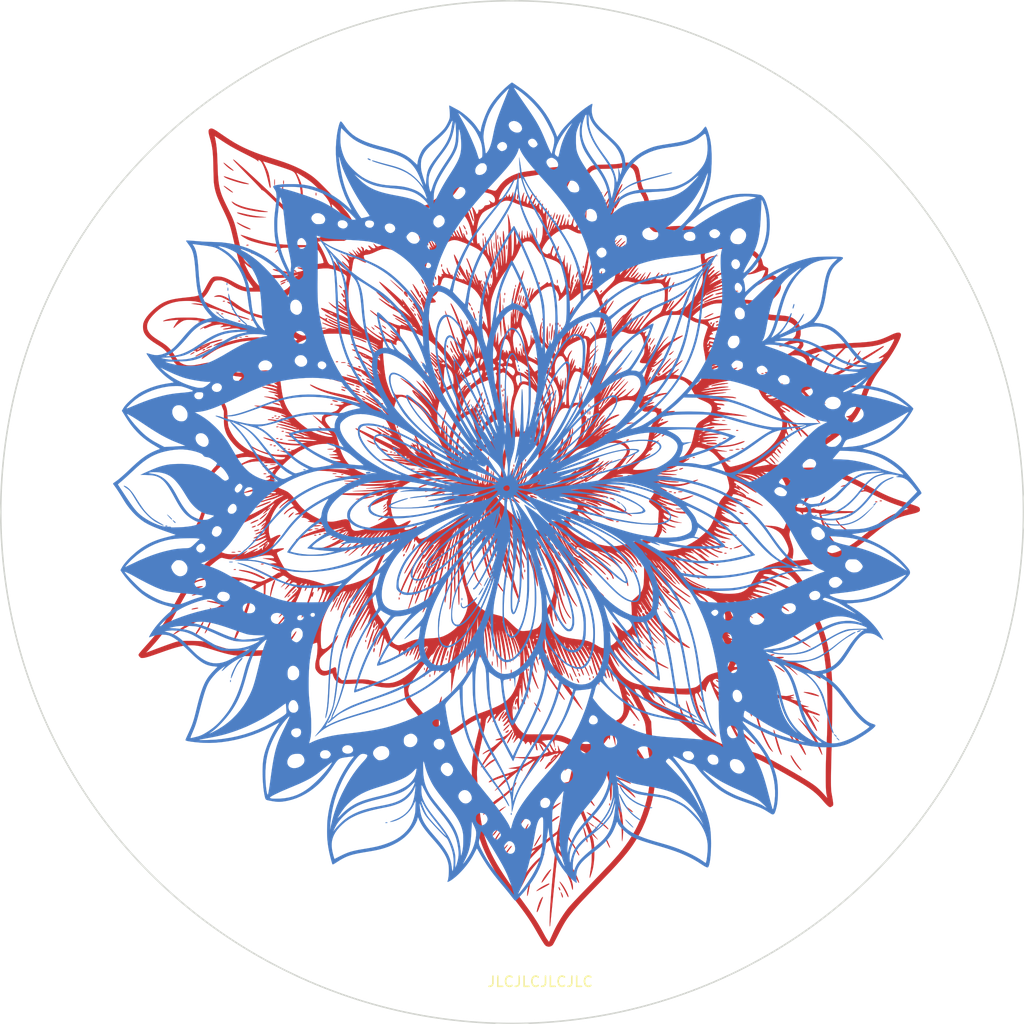
<source format=kicad_pcb>
(kicad_pcb (version 20221018) (generator pcbnew)
  (layers (0 "F.Cu" signal) (31 "B.Cu" signal) (34 "B.Paste" user) (35 "F.Paste" user) (36 "B.SilkS" user "B.Silkscreen") (37 "F.SilkS" user "F.Silkscreen") (38 "B.Mask" user) (39 "F.Mask" user) (44 "Edge.Cuts" user))
  (net 0 "")
  (footprint "LOGO" (layer "F.Cu") (at 63.467547 62.484956)
    (fp_text reference "G***" hide)
    (fp_text value "LOGO" hide)
  )
  (footprint "LOGO" (layer "F.Cu") (at 63.467547 62.484956)
    (fp_text reference "G***" hide)
    (fp_text value "LOGO" hide)
    (fp_poly (pts (xy -26.024147 -20.912443) (xy -25.996337 -20.864369) (xy -25.999849 -20.801212) (xy -26.025617 -20.748043) (xy -26.065527 -20.70525) (xy -26.095485 -20.702995) (xy -26.114005 -20.74034) (xy -26.119666 -20.807497) (xy -26.111603 -20.885038) (xy -26.088537 -20.926431) (xy -26.052155 -20.929823) (xy -26.024147 -20.912443)) (stroke (width 0.01)) (fill solid) (layer "F.Cu"))
    (fp_poly (pts (xy -41.752719 -31.91101) (xy -41.709689 -31.892806) (xy -41.704796 -31.872563) (xy -41.734253 -31.854123) (xy -41.794274 -31.841332) (xy -41.823863 -31.838777) (xy -41.890708 -31.837503) (xy -41.922447 -31.844639) (xy -41.926303 -31.859944) (xy -41.896362 -31.89133) (xy -41.84109 -31.911331) (xy -41.776979 -31.915096) (xy -41.752719 -31.91101)) (stroke (width 0.01)) (fill solid) (layer "F.Cu"))
    (fp_poly (pts (xy -41.452804 -0.412119) (xy -41.4351 -0.362517) (xy -41.429955 -0.304464) (xy -41.437742 -0.251578) (xy -41.458832 -0.217479) (xy -41.476486 -0.211666) (xy -41.495333 -0.222376) (xy -41.505094 -0.259691) (xy -41.507833 -0.329847) (xy -41.504362 -0.402888) (xy -41.493521 -0.436934) (xy -41.482698 -0.439649) (xy -41.452804 -0.412119)) (stroke (width 0.01)) (fill solid) (layer "F.Cu"))
    (fp_poly (pts (xy -40.679912 -32.349257) (xy -40.645813 -32.328168) (xy -40.64 -32.310513) (xy -40.650709 -32.291666) (xy -40.688025 -32.281906) (xy -40.75818 -32.279166) (xy -40.831221 -32.282638) (xy -40.865268 -32.293479) (xy -40.867982 -32.304302) (xy -40.840452 -32.334196) (xy -40.790851 -32.3519) (xy -40.732797 -32.357044) (xy -40.679912 -32.349257)) (stroke (width 0.01)) (fill solid) (layer "F.Cu"))
    (fp_poly (pts (xy -40.057767 -31.201597) (xy -40.028345 -31.178682) (xy -40.026166 -31.167712) (xy -40.044791 -31.13691) (xy -40.093945 -31.120031) (xy -40.16355 -31.119035) (xy -40.221958 -31.129591) (xy -40.255364 -31.146998) (xy -40.24919 -31.168597) (xy -40.205447 -31.190689) (xy -40.185429 -31.196824) (xy -40.113546 -31.208268) (xy -40.057767 -31.201597)) (stroke (width 0.01)) (fill solid) (layer "F.Cu"))
    (fp_poly (pts (xy -36.975745 -19.098924) (xy -36.941646 -19.077834) (xy -36.935833 -19.06018) (xy -36.946542 -19.041333) (xy -36.983858 -19.031572) (xy -37.054014 -19.028833) (xy -37.127055 -19.032304) (xy -37.161101 -19.043145) (xy -37.163816 -19.053969) (xy -37.136286 -19.083862) (xy -37.086684 -19.101567) (xy -37.028631 -19.106711) (xy -36.975745 -19.098924)) (stroke (width 0.01)) (fill solid) (layer "F.Cu"))
    (fp_poly (pts (xy -36.614256 -19.011361) (xy -36.580538 -18.990149) (xy -36.576 -18.976091) (xy -36.594737 -18.947983) (xy -36.643174 -18.931163) (xy -36.709651 -18.927899) (xy -36.772963 -18.937816) (xy -36.802114 -18.956037) (xy -36.795098 -18.980634) (xy -36.755791 -19.004248) (xy -36.734353 -19.011126) (xy -36.669905 -19.019322) (xy -36.614256 -19.011361)) (stroke (width 0.01)) (fill solid) (layer "F.Cu"))
    (fp_poly (pts (xy -36.265819 -18.565531) (xy -36.228924 -18.54056) (xy -36.231437 -18.519681) (xy -36.270468 -18.505262) (xy -36.343128 -18.499673) (xy -36.34618 -18.499666) (xy -36.414645 -18.503722) (xy -36.443538 -18.516231) (xy -36.444149 -18.524802) (xy -36.414572 -18.555137) (xy -36.360869 -18.573174) (xy -36.300417 -18.574945) (xy -36.265819 -18.565531)) (stroke (width 0.01)) (fill solid) (layer "F.Cu"))
    (fp_poly (pts (xy -35.629542 -18.740038) (xy -35.612916 -18.711043) (xy -35.626169 -18.690445) (xy -35.670297 -18.67813) (xy -35.724041 -18.673185) (xy -35.791203 -18.671919) (xy -35.825325 -18.679429) (xy -35.835155 -18.697724) (xy -35.835166 -18.698685) (xy -35.815545 -18.725699) (xy -35.763197 -18.744083) (xy -35.680827 -18.752009) (xy -35.629542 -18.740038)) (stroke (width 0.01)) (fill solid) (layer "F.Cu"))
    (fp_poly (pts (xy -32.197932 -10.351093) (xy -32.160363 -10.331552) (xy -32.158312 -10.315973) (xy -32.182882 -10.295722) (xy -32.247692 -10.270512) (xy -32.333765 -10.276939) (xy -32.34913 -10.280649) (xy -32.37816 -10.299104) (xy -32.370576 -10.324735) (xy -32.32968 -10.350612) (xy -32.312815 -10.356923) (xy -32.234824 -10.363087) (xy -32.197932 -10.351093)) (stroke (width 0.01)) (fill solid) (layer "F.Cu"))
    (fp_poly (pts (xy -31.924594 -10.07826) (xy -31.90875 -10.054166) (xy -31.92728 -10.034697) (xy -31.972638 -10.020583) (xy -32.029477 -10.013525) (xy -32.08245 -10.015223) (xy -32.116211 -10.02738) (xy -32.119092 -10.030856) (xy -32.115272 -10.055837) (xy -32.08103 -10.0777) (xy -32.028228 -10.091316) (xy -31.976563 -10.092476) (xy -31.924594 -10.07826)) (stroke (width 0.01)) (fill solid) (layer "F.Cu"))
    (fp_poly (pts (xy -29.978042 -16.178871) (xy -29.961416 -16.149877) (xy -29.974669 -16.129278) (xy -30.018797 -16.116963) (xy -30.072541 -16.112019) (xy -30.139703 -16.110752) (xy -30.173825 -16.118263) (xy -30.183655 -16.136558) (xy -30.183666 -16.137518) (xy -30.164045 -16.164533) (xy -30.111697 -16.182916) (xy -30.029327 -16.190843) (xy -29.978042 -16.178871)) (stroke (width 0.01)) (fill solid) (layer "F.Cu"))
    (fp_poly (pts (xy -25.21927 -18.390838) (xy -25.194372 -18.37952) (xy -25.192255 -18.356791) (xy -25.215981 -18.331833) (xy -25.265727 -18.316155) (xy -25.325808 -18.311774) (xy -25.380539 -18.320703) (xy -25.4 -18.330102) (xy -25.416939 -18.354264) (xy -25.397001 -18.37475) (xy -25.345633 -18.388757) (xy -25.276739 -18.393509) (xy -25.21927 -18.390838)) (stroke (width 0.01)) (fill solid) (layer "F.Cu"))
    (fp_poly (pts (xy -22.021804 2.762881) (xy -22.0041 2.812483) (xy -21.998955 2.870536) (xy -22.006742 2.923422) (xy -22.027832 2.957521) (xy -22.045486 2.963334) (xy -22.064333 2.952624) (xy -22.074094 2.915309) (xy -22.076833 2.845153) (xy -22.073362 2.772112) (xy -22.062521 2.738066) (xy -22.051698 2.735351) (xy -22.021804 2.762881)) (stroke (width 0.01)) (fill solid) (layer "F.Cu"))
    (fp_poly (pts (xy -21.048137 -36.628286) (xy -21.030433 -36.578684) (xy -21.025289 -36.520631) (xy -21.033076 -36.467745) (xy -21.054165 -36.433646) (xy -21.07182 -36.427833) (xy -21.090667 -36.438542) (xy -21.100427 -36.475858) (xy -21.103166 -36.546014) (xy -21.099695 -36.619055) (xy -21.088854 -36.653101) (xy -21.078031 -36.655816) (xy -21.048137 -36.628286)) (stroke (width 0.01)) (fill solid) (layer "F.Cu"))
    (fp_poly (pts (xy -21.048137 -35.929786) (xy -21.030433 -35.880184) (xy -21.025289 -35.822131) (xy -21.033076 -35.769245) (xy -21.054165 -35.735146) (xy -21.07182 -35.729333) (xy -21.090667 -35.740042) (xy -21.100427 -35.777358) (xy -21.103166 -35.847514) (xy -21.099695 -35.920555) (xy -21.088854 -35.954601) (xy -21.078031 -35.957316) (xy -21.048137 -35.929786)) (stroke (width 0.01)) (fill solid) (layer "F.Cu"))
    (fp_poly (pts (xy -20.706261 -15.200593) (xy -20.690416 -15.1765) (xy -20.708946 -15.15703) (xy -20.754304 -15.142916) (xy -20.811144 -15.135858) (xy -20.864117 -15.137557) (xy -20.897877 -15.149713) (xy -20.900758 -15.15319) (xy -20.896939 -15.17817) (xy -20.862696 -15.200033) (xy -20.809895 -15.21365) (xy -20.75823 -15.21481) (xy -20.706261 -15.200593)) (stroke (width 0.01)) (fill solid) (layer "F.Cu"))
    (fp_poly (pts (xy -20.096937 -14.326838) (xy -20.072039 -14.31552) (xy -20.069922 -14.292791) (xy -20.093648 -14.267833) (xy -20.143393 -14.252155) (xy -20.203474 -14.247774) (xy -20.258205 -14.256703) (xy -20.277666 -14.266102) (xy -20.294606 -14.290264) (xy -20.274668 -14.31075) (xy -20.2233 -14.324757) (xy -20.154406 -14.329509) (xy -20.096937 -14.326838)) (stroke (width 0.01)) (fill solid) (layer "F.Cu"))
    (fp_poly (pts (xy -19.89646 1.799552) (xy -19.879602 1.855807) (xy -19.880329 1.915825) (xy -19.896457 1.964351) (xy -19.923125 1.985754) (xy -19.945335 1.983621) (xy -19.956492 1.960103) (xy -19.960056 1.905942) (xy -19.960166 1.886635) (xy -19.954982 1.812163) (xy -19.940723 1.772262) (xy -19.919331 1.769587) (xy -19.89646 1.799552)) (stroke (width 0.01)) (fill solid) (layer "F.Cu"))
    (fp_poly (pts (xy -17.957804 -28.330952) (xy -17.9401 -28.281351) (xy -17.934955 -28.223297) (xy -17.942742 -28.170412) (xy -17.963832 -28.136313) (xy -17.981486 -28.1305) (xy -18.000333 -28.141209) (xy -18.010094 -28.178525) (xy -18.012833 -28.24868) (xy -18.009362 -28.321721) (xy -17.998521 -28.355768) (xy -17.987698 -28.358482) (xy -17.957804 -28.330952)) (stroke (width 0.01)) (fill solid) (layer "F.Cu"))
    (fp_poly (pts (xy -16.712671 -32.108686) (xy -16.704692 -32.046637) (xy -16.705561 -32.016228) (xy -16.716311 -31.957895) (xy -16.735517 -31.926746) (xy -16.757604 -31.928177) (xy -16.771975 -31.95192) (xy -16.783203 -32.005231) (xy -16.784144 -32.066635) (xy -16.775737 -32.118776) (xy -16.761633 -32.143046) (xy -16.732716 -32.14323) (xy -16.712671 -32.108686)) (stroke (width 0.01)) (fill solid) (layer "F.Cu"))
    (fp_poly (pts (xy -15.85616 -23.232371) (xy -15.832143 -23.197688) (xy -15.815471 -23.141697) (xy -15.816355 -23.081819) (xy -15.832567 -23.033377) (xy -15.859125 -23.012079) (xy -15.880453 -23.013881) (xy -15.891681 -23.035664) (xy -15.895817 -23.086438) (xy -15.896166 -23.123031) (xy -15.89146 -23.19899) (xy -15.877864 -23.235742) (xy -15.85616 -23.232371)) (stroke (width 0.01)) (fill solid) (layer "F.Cu"))
    (fp_poly (pts (xy -15.488661 -20.216708) (xy -15.469869 -20.170996) (xy -15.460129 -20.11344) (xy -15.463057 -20.062323) (xy -15.483981 -20.01483) (xy -15.511201 -20.005798) (xy -15.535317 -20.03542) (xy -15.542515 -20.060708) (xy -15.547351 -20.120407) (xy -15.541673 -20.178958) (xy -15.527994 -20.2219) (xy -15.512175 -20.235333) (xy -15.488661 -20.216708)) (stroke (width 0.01)) (fill solid) (layer "F.Cu"))
    (fp_poly (pts (xy -15.396637 -7.926286) (xy -15.378933 -7.876684) (xy -15.373789 -7.818631) (xy -15.381576 -7.765745) (xy -15.402665 -7.731646) (xy -15.42032 -7.725833) (xy -15.439167 -7.736542) (xy -15.448927 -7.773858) (xy -15.451666 -7.844014) (xy -15.448195 -7.917055) (xy -15.437354 -7.951101) (xy -15.426531 -7.953816) (xy -15.396637 -7.926286)) (stroke (width 0.01)) (fill solid) (layer "F.Cu"))
    (fp_poly (pts (xy -13.103218 -34.691251) (xy -13.093493 -34.651545) (xy -13.091583 -34.59868) (xy -13.097437 -34.532969) (xy -13.112041 -34.492983) (xy -13.130961 -34.4835) (xy -13.149761 -34.509295) (xy -13.155955 -34.529355) (xy -13.164668 -34.59668) (xy -13.158717 -34.656015) (xy -13.140485 -34.694691) (xy -13.123333 -34.70275) (xy -13.103218 -34.691251)) (stroke (width 0.01)) (fill solid) (layer "F.Cu"))
    (fp_poly (pts (xy -11.861804 2.847548) (xy -11.8441 2.897149) (xy -11.838955 2.955203) (xy -11.846742 3.008088) (xy -11.867832 3.042187) (xy -11.885486 3.048) (xy -11.904333 3.037291) (xy -11.914094 2.999975) (xy -11.916833 2.92982) (xy -11.913362 2.856779) (xy -11.902521 2.822732) (xy -11.891698 2.820018) (xy -11.861804 2.847548)) (stroke (width 0.01)) (fill solid) (layer "F.Cu"))
    (fp_poly (pts (xy -11.332637 -30.892119) (xy -11.314933 -30.842517) (xy -11.309789 -30.784464) (xy -11.317576 -30.731578) (xy -11.338665 -30.697479) (xy -11.35632 -30.691666) (xy -11.375167 -30.702376) (xy -11.384927 -30.739691) (xy -11.387666 -30.809847) (xy -11.384195 -30.882888) (xy -11.373354 -30.916934) (xy -11.362531 -30.919649) (xy -11.332637 -30.892119)) (stroke (width 0.01)) (fill solid) (layer "F.Cu"))
    (fp_poly (pts (xy -11.239294 -39.454281) (xy -11.222436 -39.398026) (xy -11.223163 -39.338009) (xy -11.239291 -39.289482) (xy -11.265958 -39.268079) (xy -11.288169 -39.270212) (xy -11.299326 -39.29373) (xy -11.30289 -39.347892) (xy -11.303 -39.367199) (xy -11.297815 -39.441671) (xy -11.283556 -39.481572) (xy -11.262165 -39.484247) (xy -11.239294 -39.454281)) (stroke (width 0.01)) (fill solid) (layer "F.Cu"))
    (fp_poly (pts (xy -10.887071 -34.594159) (xy -10.869853 -34.541307) (xy -10.867607 -34.482016) (xy -10.876759 -34.446679) (xy -10.904432 -34.403924) (xy -10.92784 -34.402996) (xy -10.944796 -34.443441) (xy -10.947999 -34.461495) (xy -10.952115 -34.530018) (xy -10.945181 -34.586405) (xy -10.929468 -34.619415) (xy -10.915394 -34.622937) (xy -10.887071 -34.594159)) (stroke (width 0.01)) (fill solid) (layer "F.Cu"))
    (fp_poly (pts (xy -10.801496 -34.955522) (xy -10.783647 -34.905866) (xy -10.778787 -34.847877) (xy -10.787208 -34.795158) (xy -10.809203 -34.76131) (xy -10.827153 -34.755666) (xy -10.846 -34.766376) (xy -10.855761 -34.803691) (xy -10.8585 -34.873847) (xy -10.855457 -34.945128) (xy -10.845546 -34.979306) (xy -10.832041 -34.983242) (xy -10.801496 -34.955522)) (stroke (width 0.01)) (fill solid) (layer "F.Cu"))
    (fp_poly (pts (xy -10.532004 -7.026186) (xy -10.524025 -6.964137) (xy -10.524894 -6.933728) (xy -10.535644 -6.875395) (xy -10.55485 -6.844246) (xy -10.576938 -6.845677) (xy -10.591309 -6.86942) (xy -10.602537 -6.922731) (xy -10.603477 -6.984135) (xy -10.59507 -7.036276) (xy -10.580967 -7.060546) (xy -10.552049 -7.06073) (xy -10.532004 -7.026186)) (stroke (width 0.01)) (fill solid) (layer "F.Cu"))
    (fp_poly (pts (xy -10.466985 -30.647713) (xy -10.460436 -30.641341) (xy -10.437101 -30.596001) (xy -10.427533 -30.532907) (xy -10.432718 -30.471777) (xy -10.450139 -30.435394) (xy -10.473901 -30.427691) (xy -10.498298 -30.458145) (xy -10.512709 -30.518807) (xy -10.508595 -30.589706) (xy -10.497938 -30.642047) (xy -10.486168 -30.65913) (xy -10.466985 -30.647713)) (stroke (width 0.01)) (fill solid) (layer "F.Cu"))
    (fp_poly (pts (xy -9.029171 -30.521186) (xy -9.021192 -30.459137) (xy -9.022061 -30.428728) (xy -9.032811 -30.370395) (xy -9.052017 -30.339246) (xy -9.074104 -30.340677) (xy -9.088475 -30.36442) (xy -9.099703 -30.417731) (xy -9.100644 -30.479135) (xy -9.092237 -30.531276) (xy -9.078133 -30.555546) (xy -9.049216 -30.55573) (xy -9.029171 -30.521186)) (stroke (width 0.01)) (fill solid) (layer "F.Cu"))
    (fp_poly (pts (xy -6.997171 -42.18402) (xy -6.989192 -42.12197) (xy -6.990061 -42.091562) (xy -7.000811 -42.033229) (xy -7.020017 -42.002079) (xy -7.042104 -42.00351) (xy -7.056475 -42.027253) (xy -7.067703 -42.080564) (xy -7.068644 -42.141968) (xy -7.060237 -42.19411) (xy -7.046133 -42.218379) (xy -7.017216 -42.218563) (xy -6.997171 -42.18402)) (stroke (width 0.01)) (fill solid) (layer "F.Cu"))
    (fp_poly (pts (xy -6.468004 -36.53252) (xy -6.460025 -36.47047) (xy -6.460894 -36.440062) (xy -6.471644 -36.381729) (xy -6.49085 -36.350579) (xy -6.512938 -36.35201) (xy -6.527309 -36.375753) (xy -6.538537 -36.429064) (xy -6.539477 -36.490468) (xy -6.53107 -36.54261) (xy -6.516967 -36.566879) (xy -6.488049 -36.567063) (xy -6.468004 -36.53252)) (stroke (width 0.01)) (fill solid) (layer "F.Cu"))
    (fp_poly (pts (xy -5.765804 -22.848786) (xy -5.7481 -22.799184) (xy -5.742955 -22.741131) (xy -5.750742 -22.688245) (xy -5.771832 -22.654146) (xy -5.789486 -22.648333) (xy -5.808333 -22.659042) (xy -5.818094 -22.696358) (xy -5.820833 -22.766514) (xy -5.817362 -22.839555) (xy -5.806521 -22.873601) (xy -5.795698 -22.876316) (xy -5.765804 -22.848786)) (stroke (width 0.01)) (fill solid) (layer "F.Cu"))
    (fp_poly (pts (xy -5.494337 3.578314) (xy -5.486358 3.640363) (xy -5.487227 3.670772) (xy -5.497978 3.729105) (xy -5.517183 3.760254) (xy -5.539271 3.758823) (xy -5.553642 3.73508) (xy -5.56487 3.681769) (xy -5.565811 3.620365) (xy -5.557404 3.568224) (xy -5.5433 3.543954) (xy -5.514382 3.54377) (xy -5.494337 3.578314)) (stroke (width 0.01)) (fill solid) (layer "F.Cu"))
    (fp_poly (pts (xy -3.914095 16.002803) (xy -3.901431 16.048984) (xy -3.899692 16.116233) (xy -3.899727 16.116772) (xy -3.910478 16.175105) (xy -3.929683 16.206254) (xy -3.951771 16.204823) (xy -3.966142 16.18108) (xy -3.978123 16.117432) (xy -3.974088 16.048521) (xy -3.957842 16.002) (xy -3.934095 15.984779) (xy -3.914095 16.002803)) (stroke (width 0.01)) (fill solid) (layer "F.Cu"))
    (fp_poly (pts (xy -1.445375 8.289796) (xy -1.42875 8.31879) (xy -1.442002 8.339389) (xy -1.486131 8.351703) (xy -1.539875 8.356648) (xy -1.607037 8.357914) (xy -1.641158 8.350404) (xy -1.650988 8.332109) (xy -1.651 8.331149) (xy -1.631378 8.304134) (xy -1.57903 8.28575) (xy -1.496661 8.277824) (xy -1.445375 8.289796)) (stroke (width 0.01)) (fill solid) (layer "F.Cu"))
    (fp_poly (pts (xy 6.061458 -31.025838) (xy 6.071818 -30.988052) (xy 6.060572 -30.940241) (xy 6.026808 -30.891694) (xy 5.996013 -30.866505) (xy 5.960486 -30.847854) (xy 5.939599 -30.859697) (xy 5.924439 -30.889187) (xy 5.909933 -30.954885) (xy 5.934647 -31.005141) (xy 5.979564 -31.034175) (xy 6.030402 -31.044309) (xy 6.061458 -31.025838)) (stroke (width 0.01)) (fill solid) (layer "F.Cu"))
    (fp_poly (pts (xy 6.153458 -4.960538) (xy 6.170084 -4.931543) (xy 6.156831 -4.910945) (xy 6.112703 -4.89863) (xy 6.058959 -4.893685) (xy 5.991797 -4.892419) (xy 5.957675 -4.899929) (xy 5.947845 -4.918224) (xy 5.947834 -4.919185) (xy 5.967455 -4.946199) (xy 6.019803 -4.964583) (xy 6.102173 -4.972509) (xy 6.153458 -4.960538)) (stroke (width 0.01)) (fill solid) (layer "F.Cu"))
    (fp_poly (pts (xy 6.664907 -7.354157) (xy 6.702216 -7.333599) (xy 6.709834 -7.314996) (xy 6.690853 -7.293481) (xy 6.642179 -7.278943) (xy 6.576211 -7.273863) (xy 6.523405 -7.277674) (xy 6.487352 -7.292263) (xy 6.488269 -7.315776) (xy 6.523848 -7.341348) (xy 6.548023 -7.350869) (xy 6.608867 -7.360943) (xy 6.664907 -7.354157)) (stroke (width 0.01)) (fill solid) (layer "F.Cu"))
    (fp_poly (pts (xy 11.792255 -24.221257) (xy 11.826354 -24.200168) (xy 11.832167 -24.182513) (xy 11.821458 -24.163666) (xy 11.784142 -24.153906) (xy 11.713986 -24.151166) (xy 11.640945 -24.154638) (xy 11.606899 -24.165479) (xy 11.604184 -24.176302) (xy 11.631714 -24.206196) (xy 11.681316 -24.2239) (xy 11.739369 -24.229044) (xy 11.792255 -24.221257)) (stroke (width 0.01)) (fill solid) (layer "F.Cu"))
    (fp_poly (pts (xy 11.961588 2.808576) (xy 11.995687 2.829666) (xy 12.0015 2.84732) (xy 11.990791 2.866167) (xy 11.953475 2.875928) (xy 11.88332 2.878667) (xy 11.810279 2.875196) (xy 11.776232 2.864355) (xy 11.773518 2.853531) (xy 11.801048 2.823638) (xy 11.850649 2.805933) (xy 11.908703 2.800789) (xy 11.961588 2.808576)) (stroke (width 0.01)) (fill solid) (layer "F.Cu"))
    (fp_poly (pts (xy -42.189275 -31.989314) (xy -42.158856 -31.977118) (xy -42.153416 -31.961666) (xy -42.171921 -31.941623) (xy -42.217277 -31.927632) (xy -42.274248 -31.921192) (xy -42.327598 -31.923803) (xy -42.362091 -31.936962) (xy -42.365285 -31.940827) (xy -42.371798 -31.967765) (xy -42.347384 -31.983842) (xy -42.287437 -31.991172) (xy -42.253495 -31.992115) (xy -42.189275 -31.989314)) (stroke (width 0.01)) (fill solid) (layer "F.Cu"))
    (fp_poly (pts (xy -41.62425 -33.141939) (xy -41.563521 -33.131597) (xy -41.540129 -33.109956) (xy -41.539583 -33.104666) (xy -41.558075 -33.084349) (xy -41.603423 -33.070378) (xy -41.66044 -33.064176) (xy -41.713938 -33.067163) (xy -41.748726 -33.080761) (xy -41.752044 -33.084785) (xy -41.752819 -33.114441) (xy -41.718428 -33.134784) (xy -41.655564 -33.142821) (xy -41.62425 -33.141939)) (stroke (width 0.01)) (fill solid) (layer "F.Cu"))
    (fp_poly (pts (xy -40.490585 -6.898922) (xy -40.474587 -6.873875) (xy -40.476383 -6.852547) (xy -40.498161 -6.841319) (xy -40.548929 -6.837183) (xy -40.585531 -6.836833) (xy -40.651261 -6.840379) (xy -40.693656 -6.849655) (xy -40.7035 -6.858524) (xy -40.68489 -6.88256) (xy -40.639159 -6.903664) (xy -40.58145 -6.916542) (xy -40.535591 -6.917223) (xy -40.490585 -6.898922)) (stroke (width 0.01)) (fill solid) (layer "F.Cu"))
    (fp_poly (pts (xy -39.293182 -38.625528) (xy -39.246595 -38.610201) (xy -39.232416 -38.586833) (xy -39.245299 -38.566144) (xy -39.288485 -38.553799) (xy -39.343541 -38.548685) (xy -39.410474 -38.547361) (xy -39.444524 -38.554727) (xy -39.454625 -38.572879) (xy -39.454666 -38.57474) (xy -39.435614 -38.604666) (xy -39.385368 -38.62328) (xy -39.314297 -38.627323) (xy -39.293182 -38.625528)) (stroke (width 0.01)) (fill solid) (layer "F.Cu"))
    (fp_poly (pts (xy -38.29751 -25.369959) (xy -38.260479 -25.348813) (xy -38.255666 -25.32065) (xy -38.257287 -25.3177) (xy -38.285839 -25.301873) (xy -38.336911 -25.294227) (xy -38.395796 -25.294369) (xy -38.447786 -25.301908) (xy -38.478175 -25.316453) (xy -38.481 -25.323652) (xy -38.461618 -25.357106) (xy -38.406516 -25.375523) (xy -38.35756 -25.378509) (xy -38.29751 -25.369959)) (stroke (width 0.01)) (fill solid) (layer "F.Cu"))
    (fp_poly (pts (xy -37.163448 -16.358685) (xy -37.101156 -16.350714) (xy -37.058184 -16.337264) (xy -37.047648 -16.327219) (xy -37.06043 -16.308955) (xy -37.106584 -16.296556) (xy -37.17739 -16.291381) (xy -37.258625 -16.294319) (xy -37.31526 -16.305191) (xy -37.336343 -16.3225) (xy -37.319442 -16.34156) (xy -37.288677 -16.352239) (xy -37.230732 -16.359689) (xy -37.163448 -16.358685)) (stroke (width 0.01)) (fill solid) (layer "F.Cu"))
    (fp_poly (pts (xy -36.809901 -21.753337) (xy -36.79316 -21.746462) (xy -36.762518 -21.717623) (xy -36.773226 -21.696241) (xy -36.824903 -21.682665) (xy -36.867041 -21.678852) (xy -36.934203 -21.677586) (xy -36.968325 -21.685096) (xy -36.978155 -21.703391) (xy -36.978166 -21.704351) (xy -36.959678 -21.728492) (xy -36.914842 -21.747123) (xy -36.859601 -21.756614) (xy -36.809901 -21.753337)) (stroke (width 0.01)) (fill solid) (layer "F.Cu"))
    (fp_poly (pts (xy -36.586583 -21.923606) (xy -36.525854 -21.913264) (xy -36.502463 -21.891622) (xy -36.501916 -21.886333) (xy -36.520408 -21.866015) (xy -36.565757 -21.852045) (xy -36.622774 -21.845842) (xy -36.676271 -21.84883) (xy -36.711059 -21.862428) (xy -36.714377 -21.866452) (xy -36.715153 -21.896107) (xy -36.680762 -21.91645) (xy -36.617898 -21.924487) (xy -36.586583 -21.923606)) (stroke (width 0.01)) (fill solid) (layer "F.Cu"))
    (fp_poly (pts (xy -36.340962 -20.862634) (xy -36.308985 -20.843377) (xy -36.309305 -20.818318) (xy -36.32458 -20.804791) (xy -36.364881 -20.792212) (xy -36.423637 -20.786765) (xy -36.48421 -20.788375) (xy -36.529964 -20.796967) (xy -36.543593 -20.805771) (xy -36.539091 -20.830167) (xy -36.502942 -20.852101) (xy -36.445769 -20.866836) (xy -36.398724 -20.870333) (xy -36.340962 -20.862634)) (stroke (width 0.01)) (fill solid) (layer "F.Cu"))
    (fp_poly (pts (xy -36.202849 -21.840361) (xy -36.156262 -21.825035) (xy -36.142083 -21.801666) (xy -36.154966 -21.780978) (xy -36.198152 -21.768633) (xy -36.253208 -21.763519) (xy -36.320141 -21.762194) (xy -36.354191 -21.769561) (xy -36.364292 -21.787712) (xy -36.364333 -21.789574) (xy -36.345281 -21.819499) (xy -36.295035 -21.838113) (xy -36.223964 -21.842156) (xy -36.202849 -21.840361)) (stroke (width 0.01)) (fill solid) (layer "F.Cu"))
    (fp_poly (pts (xy -35.969736 -19.632914) (xy -35.91677 -19.617064) (xy -35.902753 -19.599047) (xy -35.924612 -19.581817) (xy -35.979272 -19.568329) (xy -36.043221 -19.562281) (xy -36.117533 -19.560783) (xy -36.158085 -19.56639) (xy -36.173087 -19.58066) (xy -36.173833 -19.587058) (xy -36.154849 -19.613882) (xy -36.105781 -19.632072) (xy -36.038452 -19.638972) (xy -35.969736 -19.632914)) (stroke (width 0.01)) (fill solid) (layer "F.Cu"))
    (fp_poly (pts (xy -35.821409 -20.419216) (xy -35.782829 -20.402111) (xy -35.776741 -20.378639) (xy -35.795413 -20.360291) (xy -35.837936 -20.348067) (xy -35.90142 -20.343551) (xy -35.965112 -20.347229) (xy -36.000092 -20.355479) (xy -36.019275 -20.374016) (xy -36.005208 -20.395201) (xy -35.96624 -20.413851) (xy -35.910723 -20.424781) (xy -35.886741 -20.425833) (xy -35.821409 -20.419216)) (stroke (width 0.01)) (fill solid) (layer "F.Cu"))
    (fp_poly (pts (xy -32.647171 -10.259287) (xy -32.608097 -10.242328) (xy -32.601542 -10.218976) (xy -32.620413 -10.200291) (xy -32.66246 -10.186844) (xy -32.720548 -10.182049) (xy -32.777065 -10.185726) (xy -32.814402 -10.197693) (xy -32.818916 -10.202333) (xy -32.823356 -10.236248) (xy -32.788999 -10.257818) (xy -32.717895 -10.265812) (xy -32.713083 -10.265833) (xy -32.647171 -10.259287)) (stroke (width 0.01)) (fill solid) (layer "F.Cu"))
    (fp_poly (pts (xy -31.144338 -25.541621) (xy -31.105263 -25.524662) (xy -31.098709 -25.501309) (xy -31.11758 -25.482624) (xy -31.159627 -25.469177) (xy -31.217714 -25.464383) (xy -31.274232 -25.468059) (xy -31.311568 -25.480026) (xy -31.316083 -25.484666) (xy -31.320523 -25.518581) (xy -31.286165 -25.540151) (xy -31.215062 -25.548145) (xy -31.21025 -25.548166) (xy -31.144338 -25.541621)) (stroke (width 0.01)) (fill solid) (layer "F.Cu"))
    (fp_poly (pts (xy -31.047406 -23.07004) (xy -31.013806 -23.045911) (xy -31.009166 -23.031057) (xy -31.027908 -23.008967) (xy -31.075463 -22.995395) (xy -31.138828 -22.992271) (xy -31.204998 -23.001526) (xy -31.20613 -23.001816) (xy -31.235485 -23.019778) (xy -31.228468 -23.043923) (xy -31.189065 -23.067646) (xy -31.161009 -23.076636) (xy -31.101324 -23.081738) (xy -31.047406 -23.07004)) (stroke (width 0.01)) (fill solid) (layer "F.Cu"))
    (fp_poly (pts (xy -29.640343 -24.840792) (xy -29.603312 -24.819646) (xy -29.598499 -24.791483) (xy -29.600121 -24.788533) (xy -29.628673 -24.772707) (xy -29.679744 -24.76506) (xy -29.738629 -24.765202) (xy -29.790619 -24.772741) (xy -29.821008 -24.787287) (xy -29.823833 -24.794485) (xy -29.804451 -24.827939) (xy -29.749349 -24.846357) (xy -29.700394 -24.849342) (xy -29.640343 -24.840792)) (stroke (width 0.01)) (fill solid) (layer "F.Cu"))
    (fp_poly (pts (xy -27.943706 -24.305694) (xy -27.886818 -24.268877) (xy -27.845924 -24.22145) (xy -27.834166 -24.183879) (xy -27.844547 -24.156929) (xy -27.878044 -24.156529) (xy -27.938193 -24.183214) (xy -27.977041 -24.205483) (xy -28.038793 -24.250035) (xy -28.064731 -24.286277) (xy -28.054117 -24.310869) (xy -28.006209 -24.320473) (xy -28.002538 -24.3205) (xy -27.943706 -24.305694)) (stroke (width 0.01)) (fill solid) (layer "F.Cu"))
    (fp_poly (pts (xy -27.785936 0.005494) (xy -27.757126 0.034455) (xy -27.73965 0.087484) (xy -27.737436 0.146968) (xy -27.746592 0.181987) (xy -27.774784 0.224817) (xy -27.799981 0.225611) (xy -27.820437 0.18448) (xy -27.822374 0.1772) (xy -27.828466 0.121376) (xy -27.823057 0.064986) (xy -27.809031 0.021617) (xy -27.789271 0.004855) (xy -27.785936 0.005494)) (stroke (width 0.01)) (fill solid) (layer "F.Cu"))
    (fp_poly (pts (xy -24.92375 -18.304106) (xy -24.863021 -18.293764) (xy -24.839629 -18.272122) (xy -24.839083 -18.266833) (xy -24.857575 -18.246515) (xy -24.902923 -18.232545) (xy -24.95994 -18.226342) (xy -25.013438 -18.22933) (xy -25.048226 -18.242928) (xy -25.051544 -18.246952) (xy -25.052319 -18.276607) (xy -25.017928 -18.29695) (xy -24.955064 -18.304987) (xy -24.92375 -18.304106)) (stroke (width 0.01)) (fill solid) (layer "F.Cu"))
    (fp_poly (pts (xy -23.978703 -8.387337) (xy -23.96865 -8.350833) (xy -23.979233 -8.294563) (xy -24.006146 -8.232963) (xy -24.038295 -8.187583) (xy -24.07758 -8.153989) (xy -24.103743 -8.158543) (xy -24.118529 -8.188704) (xy -24.120321 -8.239023) (xy -24.102231 -8.294846) (xy -24.071219 -8.346288) (xy -24.03424 -8.383464) (xy -23.998255 -8.396491) (xy -23.978703 -8.387337)) (stroke (width 0.01)) (fill solid) (layer "F.Cu"))
    (fp_poly (pts (xy -20.500125 -25.162681) (xy -20.494694 -25.12367) (xy -20.512891 -25.070007) (xy -20.553418 -25.010985) (xy -20.553829 -25.010516) (xy -20.60757 -24.955932) (xy -20.641338 -24.93679) (xy -20.654257 -24.953256) (xy -20.648907 -24.992541) (xy -20.624557 -25.06202) (xy -20.590762 -25.123773) (xy -20.555075 -25.165986) (xy -20.53048 -25.17775) (xy -20.500125 -25.162681)) (stroke (width 0.01)) (fill solid) (layer "F.Cu"))
    (fp_poly (pts (xy -19.987653 -7.134998) (xy -19.967924 -7.083924) (xy -19.960456 -7.01405) (xy -19.970991 -6.971905) (xy -19.99552 -6.939943) (xy -20.022601 -6.930875) (xy -20.030906 -6.935795) (xy -20.039073 -6.96353) (xy -20.044084 -7.018255) (xy -20.044833 -7.052028) (xy -20.040581 -7.119363) (xy -20.026785 -7.150572) (xy -20.015552 -7.154333) (xy -19.987653 -7.134998)) (stroke (width 0.01)) (fill solid) (layer "F.Cu"))
    (fp_poly (pts (xy -19.79098 -28.775473) (xy -19.759103 -28.726622) (xy -19.737108 -28.662219) (xy -19.733532 -28.641606) (xy -19.73099 -28.579214) (xy -19.745162 -28.55571) (xy -19.77583 -28.571183) (xy -19.810923 -28.610189) (xy -19.85325 -28.679059) (xy -19.87087 -28.741776) (xy -19.861089 -28.787614) (xy -19.856782 -28.792685) (xy -19.82584 -28.800313) (xy -19.79098 -28.775473)) (stroke (width 0.01)) (fill solid) (layer "F.Cu"))
    (fp_poly (pts (xy -16.614001 -22.853714) (xy -16.613188 -22.809638) (xy -16.63683 -22.754179) (xy -16.673302 -22.707081) (xy -16.72346 -22.661317) (xy -16.753075 -22.651047) (xy -16.763884 -22.675772) (xy -16.764 -22.680926) (xy -16.753416 -22.731476) (xy -16.727034 -22.788675) (xy -16.692911 -22.839706) (xy -16.659101 -22.871752) (xy -16.641179 -22.876345) (xy -16.614001 -22.853714)) (stroke (width 0.01)) (fill solid) (layer "F.Cu"))
    (fp_poly (pts (xy -16.37874 -31.621366) (xy -16.35786 -31.58227) (xy -16.350199 -31.550757) (xy -16.344499 -31.48071) (xy -16.353375 -31.426268) (xy -16.373482 -31.395464) (xy -16.401472 -31.396328) (xy -16.411222 -31.404278) (xy -16.419498 -31.43213) (xy -16.424575 -31.486937) (xy -16.425333 -31.520694) (xy -16.418236 -31.588274) (xy -16.400785 -31.6226) (xy -16.37874 -31.621366)) (stroke (width 0.01)) (fill solid) (layer "F.Cu"))
    (fp_poly (pts (xy -16.280284 -39.731982) (xy -16.261968 -39.682257) (xy -16.257789 -39.612815) (xy -16.259639 -39.591148) (xy -16.27504 -39.5413) (xy -16.301466 -39.521195) (xy -16.326114 -39.531837) (xy -16.334653 -39.559969) (xy -16.339888 -39.614974) (xy -16.340666 -39.648694) (xy -16.336957 -39.714271) (xy -16.324301 -39.745528) (xy -16.30932 -39.751) (xy -16.280284 -39.731982)) (stroke (width 0.01)) (fill solid) (layer "F.Cu"))
    (fp_poly (pts (xy -15.568746 -36.09931) (xy -15.555821 -36.049653) (xy -15.554207 -35.991042) (xy -15.563598 -35.937699) (xy -15.583686 -35.903846) (xy -15.598192 -35.898666) (xy -15.615575 -35.917146) (xy -15.630909 -35.962475) (xy -15.632634 -35.97091) (xy -15.637908 -36.037886) (xy -15.629539 -36.092455) (xy -15.610351 -36.123513) (xy -15.593289 -36.125791) (xy -15.568746 -36.09931)) (stroke (width 0.01)) (fill solid) (layer "F.Cu"))
    (fp_poly (pts (xy -15.568746 -19.84331) (xy -15.555821 -19.793653) (xy -15.554207 -19.735042) (xy -15.563598 -19.681699) (xy -15.583686 -19.647846) (xy -15.598192 -19.642666) (xy -15.615575 -19.661146) (xy -15.630909 -19.706475) (xy -15.632634 -19.71491) (xy -15.637908 -19.781886) (xy -15.629539 -19.836455) (xy -15.610351 -19.867513) (xy -15.593289 -19.869791) (xy -15.568746 -19.84331)) (stroke (width 0.01)) (fill solid) (layer "F.Cu"))
    (fp_poly (pts (xy -14.151504 -33.886686) (xy -14.143525 -33.824637) (xy -14.144394 -33.794228) (xy -14.155974 -33.732071) (xy -14.177951 -33.701726) (xy -14.206428 -33.708178) (xy -14.209448 -33.711003) (xy -14.220543 -33.743223) (xy -14.223936 -33.79787) (xy -14.220371 -33.857516) (xy -14.210593 -33.904733) (xy -14.200467 -33.921046) (xy -14.171549 -33.92123) (xy -14.151504 -33.886686)) (stroke (width 0.01)) (fill solid) (layer "F.Cu"))
    (fp_poly (pts (xy -13.622337 3.832314) (xy -13.614358 3.894363) (xy -13.615227 3.924772) (xy -13.626807 3.986929) (xy -13.648784 4.017274) (xy -13.677261 4.010822) (xy -13.680281 4.007997) (xy -13.691377 3.975777) (xy -13.694769 3.92113) (xy -13.691204 3.861484) (xy -13.681427 3.814267) (xy -13.6713 3.797954) (xy -13.642382 3.79777) (xy -13.622337 3.832314)) (stroke (width 0.01)) (fill solid) (layer "F.Cu"))
    (fp_poly (pts (xy -13.285841 -17.126221) (xy -13.263619 -17.079416) (xy -13.253548 -17.018884) (xy -13.254357 -16.992194) (xy -13.268482 -16.938603) (xy -13.293476 -16.915326) (xy -13.320448 -16.925837) (xy -13.330283 -16.954745) (xy -13.334575 -17.005971) (xy -13.333726 -17.064487) (xy -13.32814 -17.115266) (xy -13.318218 -17.14328) (xy -13.314578 -17.145) (xy -13.285841 -17.126221)) (stroke (width 0.01)) (fill solid) (layer "F.Cu"))
    (fp_poly (pts (xy -12.648671 -28.933686) (xy -12.640692 -28.871637) (xy -12.641561 -28.841228) (xy -12.65314 -28.779071) (xy -12.675117 -28.748726) (xy -12.703594 -28.755178) (xy -12.706614 -28.758003) (xy -12.71771 -28.790223) (xy -12.721103 -28.84487) (xy -12.717538 -28.904516) (xy -12.70776 -28.951733) (xy -12.697633 -28.968046) (xy -12.668716 -28.96823) (xy -12.648671 -28.933686)) (stroke (width 0.01)) (fill solid) (layer "F.Cu"))
    (fp_poly (pts (xy -12.21165 -34.429351) (xy -12.204603 -34.367196) (xy -12.203884 -34.339261) (xy -12.209484 -34.270945) (xy -12.226629 -34.233759) (xy -12.252554 -34.232406) (xy -12.262114 -34.24017) (xy -12.273034 -34.272059) (xy -12.276549 -34.32644) (xy -12.273324 -34.385921) (xy -12.264025 -34.433109) (xy -12.254092 -34.44962) (xy -12.227484 -34.455371) (xy -12.21165 -34.429351)) (stroke (width 0.01)) (fill solid) (layer "F.Cu"))
    (fp_poly (pts (xy -12.119504 -17.630686) (xy -12.111525 -17.568637) (xy -12.112394 -17.538228) (xy -12.123974 -17.476071) (xy -12.145951 -17.445726) (xy -12.174428 -17.452178) (xy -12.177448 -17.455003) (xy -12.188543 -17.487223) (xy -12.191936 -17.54187) (xy -12.188371 -17.601516) (xy -12.178593 -17.648733) (xy -12.168467 -17.665046) (xy -12.139549 -17.66523) (xy -12.119504 -17.630686)) (stroke (width 0.01)) (fill solid) (layer "F.Cu"))
    (fp_poly (pts (xy -12.038593 -33.956865) (xy -12.033365 -33.879335) (xy -12.03325 -33.863139) (xy -12.037607 -33.777419) (xy -12.050868 -33.731699) (xy -12.060723 -33.723453) (xy -12.075373 -33.728362) (xy -12.082513 -33.759891) (xy -12.083151 -33.824509) (xy -12.08189 -33.859273) (xy -12.074146 -33.944316) (xy -12.062202 -33.989099) (xy -12.049278 -33.993368) (xy -12.038593 -33.956865)) (stroke (width 0.01)) (fill solid) (layer "F.Cu"))
    (fp_poly (pts (xy -11.973384 -34.368822) (xy -11.950062 -34.342175) (xy -11.932966 -34.290328) (xy -11.926214 -34.230364) (xy -11.930389 -34.190441) (xy -11.95263 -34.149724) (xy -11.981757 -34.146864) (xy -12.006364 -34.181536) (xy -12.009673 -34.192682) (xy -12.015159 -34.245972) (xy -12.009908 -34.302433) (xy -11.996788 -34.348137) (xy -11.97867 -34.369156) (xy -11.973384 -34.368822)) (stroke (width 0.01)) (fill solid) (layer "F.Cu"))
    (fp_poly (pts (xy -10.471434 -31.448117) (xy -10.447512 -31.421232) (xy -10.430081 -31.369124) (xy -10.423329 -31.308842) (xy -10.427556 -31.269441) (xy -10.44936 -31.228718) (xy -10.477886 -31.22593) (xy -10.502973 -31.260187) (xy -10.50804 -31.276467) (xy -10.514145 -31.332398) (xy -10.5087 -31.388801) (xy -10.494598 -31.43211) (xy -10.474733 -31.448758) (xy -10.471434 -31.448117)) (stroke (width 0.01)) (fill solid) (layer "F.Cu"))
    (fp_poly (pts (xy -8.94358 -30.976977) (xy -8.930655 -30.92732) (xy -8.929041 -30.868708) (xy -8.938431 -30.815365) (xy -8.958519 -30.781513) (xy -8.973025 -30.776333) (xy -8.990408 -30.794813) (xy -9.005743 -30.840141) (xy -9.007468 -30.848576) (xy -9.012741 -30.915552) (xy -9.004373 -30.970122) (xy -8.985184 -31.001179) (xy -8.968123 -31.003457) (xy -8.94358 -30.976977)) (stroke (width 0.01)) (fill solid) (layer "F.Cu"))
    (fp_poly (pts (xy -8.789025 -30.833011) (xy -8.76517 -30.792241) (xy -8.761461 -30.782868) (xy -8.745816 -30.713512) (xy -8.751006 -30.654128) (xy -8.775052 -30.616884) (xy -8.789458 -30.61092) (xy -8.810786 -30.612716) (xy -8.822014 -30.634494) (xy -8.82615 -30.685262) (xy -8.8265 -30.721864) (xy -8.821675 -30.795961) (xy -8.808522 -30.833631) (xy -8.789025 -30.833011)) (stroke (width 0.01)) (fill solid) (layer "F.Cu"))
    (fp_poly (pts (xy -8.584671 -30.521186) (xy -8.576692 -30.459137) (xy -8.577561 -30.428728) (xy -8.58914 -30.366571) (xy -8.611117 -30.336226) (xy -8.639594 -30.342678) (xy -8.642614 -30.345503) (xy -8.65371 -30.377723) (xy -8.657103 -30.43237) (xy -8.653538 -30.492016) (xy -8.64376 -30.539233) (xy -8.633633 -30.555546) (xy -8.604716 -30.55573) (xy -8.584671 -30.521186)) (stroke (width 0.01)) (fill solid) (layer "F.Cu"))
    (fp_poly (pts (xy -8.439434 -20.229783) (xy -8.415512 -20.202899) (xy -8.398081 -20.150791) (xy -8.391329 -20.090509) (xy -8.395556 -20.051108) (xy -8.41736 -20.010385) (xy -8.445886 -20.007596) (xy -8.470973 -20.041854) (xy -8.47604 -20.058133) (xy -8.482145 -20.114065) (xy -8.4767 -20.170468) (xy -8.462598 -20.213777) (xy -8.442733 -20.230425) (xy -8.439434 -20.229783)) (stroke (width 0.01)) (fill solid) (layer "F.Cu"))
    (fp_poly (pts (xy -7.88209 -41.570758) (xy -7.870642 -41.526864) (xy -7.864291 -41.45337) (xy -7.87315 -41.385435) (xy -7.894385 -41.336713) (xy -7.913211 -41.321902) (xy -7.927355 -41.328455) (xy -7.934049 -41.364046) (xy -7.934134 -41.434423) (xy -7.933223 -41.458106) (xy -7.925916 -41.541421) (xy -7.913846 -41.589189) (xy -7.898682 -41.599579) (xy -7.88209 -41.570758)) (stroke (width 0.01)) (fill solid) (layer "F.Cu"))
    (fp_poly (pts (xy -6.923287 -36.472801) (xy -6.906347 -36.427566) (xy -6.89445 -36.371175) (xy -6.891468 -36.319172) (xy -6.894066 -36.301345) (xy -6.917034 -36.26521) (xy -6.948542 -36.262886) (xy -6.972152 -36.291981) (xy -6.98384 -36.348512) (xy -6.982399 -36.409739) (xy -6.970015 -36.461496) (xy -6.948873 -36.48962) (xy -6.941397 -36.491333) (xy -6.923287 -36.472801)) (stroke (width 0.01)) (fill solid) (layer "F.Cu"))
    (fp_poly (pts (xy -5.878267 3.709717) (xy -5.854345 3.736601) (xy -5.836915 3.788709) (xy -5.830163 3.848991) (xy -5.834389 3.888392) (xy -5.856193 3.929115) (xy -5.884719 3.931904) (xy -5.909807 3.897646) (xy -5.914874 3.881367) (xy -5.920978 3.825435) (xy -5.915533 3.769032) (xy -5.901431 3.725723) (xy -5.881566 3.709075) (xy -5.878267 3.709717)) (stroke (width 0.01)) (fill solid) (layer "F.Cu"))
    (fp_poly (pts (xy -5.451796 10.833459) (xy -5.397669 10.856337) (xy -5.38548 10.884116) (xy -5.415175 10.916328) (xy -5.464457 10.942915) (xy -5.551638 10.976391) (xy -5.609655 10.98375) (xy -5.637389 10.971389) (xy -5.648666 10.940983) (xy -5.6515 10.909531) (xy -5.632672 10.868355) (xy -5.584288 10.839071) (xy -5.518497 10.826304) (xy -5.451796 10.833459)) (stroke (width 0.01)) (fill solid) (layer "F.Cu"))
    (fp_poly (pts (xy -3.761755 11.549732) (xy -3.747349 11.556546) (xy -3.717213 11.582056) (xy -3.718431 11.600898) (xy -3.757614 11.619347) (xy -3.819737 11.630248) (xy -3.885692 11.630957) (xy -3.910541 11.627457) (xy -3.951039 11.61151) (xy -3.950962 11.590701) (xy -3.91144 11.567429) (xy -3.876621 11.555435) (xy -3.810422 11.541803) (xy -3.761755 11.549732)) (stroke (width 0.01)) (fill solid) (layer "F.Cu"))
    (fp_poly (pts (xy -3.743455 -22.182377) (xy -3.740838 -22.151213) (xy -3.772314 -22.113648) (xy -3.799416 -22.095365) (xy -3.863209 -22.064069) (xy -3.921716 -22.044672) (xy -3.964041 -22.039849) (xy -3.979333 -22.051179) (xy -3.962448 -22.084047) (xy -3.920635 -22.125223) (xy -3.867155 -22.164751) (xy -3.815272 -22.192675) (xy -3.781442 -22.199738) (xy -3.743455 -22.182377)) (stroke (width 0.01)) (fill solid) (layer "F.Cu"))
    (fp_poly (pts (xy 2.522927 -14.412873) (xy 2.556527 -14.388744) (xy 2.561167 -14.37389) (xy 2.542425 -14.3518) (xy 2.49487 -14.338228) (xy 2.431505 -14.335104) (xy 2.365335 -14.344359) (xy 2.364204 -14.344649) (xy 2.334849 -14.362611) (xy 2.341865 -14.386756) (xy 2.381269 -14.410479) (xy 2.409324 -14.41947) (xy 2.469009 -14.424571) (xy 2.522927 -14.412873)) (stroke (width 0.01)) (fill solid) (layer "F.Cu"))
    (fp_poly (pts (xy 5.725584 -5.053772) (xy 5.786312 -5.043431) (xy 5.809704 -5.021789) (xy 5.81025 -5.0165) (xy 5.791759 -4.996182) (xy 5.74641 -4.982211) (xy 5.689393 -4.976009) (xy 5.635896 -4.978996) (xy 5.601107 -4.992595) (xy 5.597789 -4.996618) (xy 5.597014 -5.026274) (xy 5.631405 -5.046617) (xy 5.694269 -5.054654) (xy 5.725584 -5.053772)) (stroke (width 0.01)) (fill solid) (layer "F.Cu"))
    (fp_poly (pts (xy 8.023248 -33.763445) (xy 8.076754 -33.747441) (xy 8.090331 -33.731141) (xy 8.066318 -33.716555) (xy 8.007055 -33.705695) (xy 7.951273 -33.70161) (xy 7.871877 -33.700096) (xy 7.828321 -33.704823) (xy 7.814441 -33.716725) (xy 7.815272 -33.722232) (xy 7.84307 -33.746786) (xy 7.89842 -33.763342) (xy 7.966851 -33.769033) (xy 8.023248 -33.763445)) (stroke (width 0.01)) (fill solid) (layer "F.Cu"))
    (fp_poly (pts (xy 8.550083 0.163338) (xy 8.593766 0.201189) (xy 8.629787 0.257707) (xy 8.629639 0.302581) (xy 8.599318 0.327954) (xy 8.544819 0.325964) (xy 8.509417 0.311764) (xy 8.459022 0.271641) (xy 8.430414 0.232416) (xy 8.414922 0.190359) (xy 8.425977 0.1643) (xy 8.436272 0.155697) (xy 8.489317 0.140089) (xy 8.550083 0.163338)) (stroke (width 0.01)) (fill solid) (layer "F.Cu"))
    (fp_poly (pts (xy 8.595367 -20.510884) (xy 8.638783 -20.493802) (xy 8.65802 -20.471247) (xy 8.652212 -20.456156) (xy 8.617451 -20.442034) (xy 8.55984 -20.434248) (xy 8.498526 -20.43381) (xy 8.452658 -20.441732) (xy 8.445677 -20.44525) (xy 8.427251 -20.471467) (xy 8.444844 -20.495303) (xy 8.492211 -20.511953) (xy 8.538587 -20.516729) (xy 8.595367 -20.510884)) (stroke (width 0.01)) (fill solid) (layer "F.Cu"))
    (fp_poly (pts (xy 9.114984 -18.750028) (xy 9.161571 -18.734701) (xy 9.17575 -18.711333) (xy 9.162868 -18.690644) (xy 9.119682 -18.678299) (xy 9.064625 -18.673185) (xy 8.997693 -18.671861) (xy 8.963643 -18.679227) (xy 8.953541 -18.697379) (xy 8.9535 -18.69924) (xy 8.972553 -18.729166) (xy 9.022798 -18.74778) (xy 9.09387 -18.751823) (xy 9.114984 -18.750028)) (stroke (width 0.01)) (fill solid) (layer "F.Cu"))
    (fp_poly (pts (xy 22.226249 -13.524089) (xy 22.242246 -13.499041) (xy 22.24045 -13.477714) (xy 22.218673 -13.466485) (xy 22.167904 -13.462349) (xy 22.131302 -13.462) (xy 22.065573 -13.465546) (xy 22.023177 -13.474821) (xy 22.013334 -13.48369) (xy 22.031943 -13.507726) (xy 22.077675 -13.528831) (xy 22.135383 -13.541709) (xy 22.181243 -13.54239) (xy 22.226249 -13.524089)) (stroke (width 0.01)) (fill solid) (layer "F.Cu"))
    (fp_poly (pts (xy 22.668122 -13.610589) (xy 22.686754 -13.583708) (xy 22.684621 -13.561498) (xy 22.661103 -13.550341) (xy 22.606942 -13.546777) (xy 22.587635 -13.546666) (xy 22.524195 -13.550364) (xy 22.480008 -13.559797) (xy 22.469073 -13.566771) (xy 22.473349 -13.591078) (xy 22.50782 -13.612544) (xy 22.560407 -13.626058) (xy 22.612097 -13.62731) (xy 22.668122 -13.610589)) (stroke (width 0.01)) (fill solid) (layer "F.Cu"))
    (fp_poly (pts (xy -43.493985 -28.43147) (xy -43.479543 -28.407904) (xy -43.496283 -28.372986) (xy -43.545134 -28.333398) (xy -43.597362 -28.307138) (xy -43.661558 -28.283993) (xy -43.698911 -28.282285) (xy -43.719186 -28.302193) (xy -43.72229 -28.309403) (xy -43.726733 -28.34435) (xy -43.705208 -28.373233) (xy -43.651514 -28.40219) (xy -43.612715 -28.417834) (xy -43.538685 -28.437007) (xy -43.493985 -28.43147)) (stroke (width 0.01)) (fill solid) (layer "F.Cu"))
    (fp_poly (pts (xy -40.951158 -29.440607) (xy -40.894384 -29.429726) (xy -40.866622 -29.418342) (xy -40.834952 -29.399121) (xy -40.839762 -29.387267) (xy -40.862722 -29.377497) (xy -40.921523 -29.364391) (xy -40.994235 -29.36061) (xy -41.062185 -29.365989) (xy -41.105666 -29.379657) (xy -41.122603 -29.402277) (xy -41.106444 -29.421167) (xy -41.066365 -29.434842) (xy -41.011544 -29.441817) (xy -40.951158 -29.440607)) (stroke (width 0.01)) (fill solid) (layer "F.Cu"))
    (fp_poly (pts (xy -39.934318 -29.59695) (xy -39.890114 -29.583471) (xy -39.883291 -29.575125) (xy -39.890828 -29.56009) (xy -39.929377 -29.55163) (xy -40.00418 -29.548697) (xy -40.015583 -29.548666) (xy -40.094986 -29.551019) (xy -40.137521 -29.558776) (xy -40.148427 -29.572985) (xy -40.147875 -29.575125) (xy -40.120558 -29.592208) (xy -40.054823 -29.600717) (xy -40.015583 -29.601583) (xy -39.934318 -29.59695)) (stroke (width 0.01)) (fill solid) (layer "F.Cu"))
    (fp_poly (pts (xy -38.809215 -31.298251) (xy -38.76015 -31.280635) (xy -38.728238 -31.258846) (xy -38.724392 -31.242039) (xy -38.751078 -31.230642) (xy -38.806699 -31.222944) (xy -38.862 -31.220833) (xy -38.93098 -31.224179) (xy -38.981528 -31.232842) (xy -38.999608 -31.242039) (xy -38.992112 -31.262591) (xy -38.956323 -31.284106) (xy -38.905674 -31.300392) (xy -38.862 -31.3055) (xy -38.809215 -31.298251)) (stroke (width 0.01)) (fill solid) (layer "F.Cu"))
    (fp_poly (pts (xy -38.743858 -31.46676) (xy -38.735675 -31.464464) (xy -38.699901 -31.444912) (xy -38.701874 -31.424368) (xy -38.737274 -31.406601) (xy -38.801783 -31.395379) (xy -38.816039 -31.394352) (xy -38.882601 -31.393129) (xy -38.916166 -31.400873) (xy -38.925499 -31.419625) (xy -38.9255 -31.419851) (xy -38.906828 -31.444781) (xy -38.860573 -31.463202) (xy -38.80137 -31.471675) (xy -38.743858 -31.46676)) (stroke (width 0.01)) (fill solid) (layer "F.Cu"))
    (fp_poly (pts (xy -37.571212 -16.271396) (xy -37.51983 -16.258897) (xy -37.489931 -16.24183) (xy -37.491606 -16.222338) (xy -37.521653 -16.211833) (xy -37.578213 -16.204051) (xy -37.645502 -16.200008) (xy -37.707734 -16.200721) (xy -37.745458 -16.205995) (xy -37.77893 -16.226579) (xy -37.772076 -16.251353) (xy -37.749019 -16.264319) (xy -37.696332 -16.275823) (xy -37.633554 -16.27761) (xy -37.571212 -16.271396)) (stroke (width 0.01)) (fill solid) (layer "F.Cu"))
    (fp_poly (pts (xy -37.136503 -14.762558) (xy -37.128544 -14.733381) (xy -37.153999 -14.696022) (xy -37.175065 -14.679879) (xy -37.226203 -14.654163) (xy -37.282411 -14.636715) (xy -37.330495 -14.630192) (xy -37.357259 -14.637251) (xy -37.359166 -14.642806) (xy -37.341999 -14.675389) (xy -37.299763 -14.714442) (xy -37.246359 -14.749894) (xy -37.195687 -14.771675) (xy -37.177626 -14.774333) (xy -37.136503 -14.762558)) (stroke (width 0.01)) (fill solid) (layer "F.Cu"))
    (fp_poly (pts (xy -36.360361 -19.718097) (xy -36.322593 -19.696025) (xy -36.308766 -19.669575) (xy -36.315128 -19.656594) (xy -36.345418 -19.646832) (xy -36.399703 -19.642947) (xy -36.461644 -19.644496) (xy -36.514905 -19.651039) (xy -36.543149 -19.662134) (xy -36.543593 -19.662771) (xy -36.538732 -19.686882) (xy -36.503398 -19.709264) (xy -36.449268 -19.724246) (xy -36.41065 -19.727333) (xy -36.360361 -19.718097)) (stroke (width 0.01)) (fill solid) (layer "F.Cu"))
    (fp_poly (pts (xy -35.209025 -18.660926) (xy -35.200842 -18.658631) (xy -35.165068 -18.639078) (xy -35.16704 -18.618535) (xy -35.20244 -18.600768) (xy -35.26695 -18.589546) (xy -35.281205 -18.588519) (xy -35.347767 -18.587296) (xy -35.381332 -18.595039) (xy -35.390666 -18.613791) (xy -35.390666 -18.614018) (xy -35.371995 -18.638947) (xy -35.325739 -18.657368) (xy -35.266537 -18.665842) (xy -35.209025 -18.660926)) (stroke (width 0.01)) (fill solid) (layer "F.Cu"))
    (fp_poly (pts (xy -32.530333 -39.813766) (xy -32.516965 -39.762218) (xy -32.512 -39.6875) (xy -32.517237 -39.608109) (xy -32.530612 -39.558132) (xy -32.548616 -39.540601) (xy -32.567743 -39.558545) (xy -32.584485 -39.614998) (xy -32.586005 -39.62354) (xy -32.591893 -39.696351) (xy -32.58764 -39.764178) (xy -32.586184 -39.771707) (xy -32.568414 -39.82245) (xy -32.54864 -39.835157) (xy -32.530333 -39.813766)) (stroke (width 0.01)) (fill solid) (layer "F.Cu"))
    (fp_poly (pts (xy -30.539823 -27.230109) (xy -30.497561 -27.210764) (xy -30.480732 -27.184347) (xy -30.492454 -27.16274) (xy -30.520602 -27.156833) (xy -30.570229 -27.152968) (xy -30.589394 -27.149222) (xy -30.632152 -27.146837) (xy -30.665208 -27.150694) (xy -30.702383 -27.165401) (xy -30.712833 -27.179996) (xy -30.694196 -27.204146) (xy -30.648392 -27.223322) (xy -30.590584 -27.233133) (xy -30.539823 -27.230109)) (stroke (width 0.01)) (fill solid) (layer "F.Cu"))
    (fp_poly (pts (xy -29.277346 -3.348192) (xy -29.274646 -3.30463) (xy -29.286177 -3.247359) (xy -29.310584 -3.188923) (xy -29.315601 -3.180291) (xy -29.353483 -3.12809) (xy -29.383608 -3.112525) (xy -29.407555 -3.125611) (xy -29.41783 -3.155162) (xy -29.421666 -3.200656) (xy -29.408134 -3.252383) (xy -29.374944 -3.306777) (xy -29.333202 -3.349311) (xy -29.295629 -3.3655) (xy -29.277346 -3.348192)) (stroke (width 0.01)) (fill solid) (layer "F.Cu"))
    (fp_poly (pts (xy -28.83884 -26.16604) (xy -28.770343 -26.122538) (xy -28.727287 -26.067341) (xy -28.709013 -26.024257) (xy -28.702 -26.002254) (xy -28.717765 -25.991879) (xy -28.761385 -26.005519) (xy -28.827344 -26.041135) (xy -28.855458 -26.05892) (xy -28.91905 -26.107273) (xy -28.951068 -26.14669) (xy -28.949723 -26.173284) (xy -28.913228 -26.183165) (xy -28.912615 -26.183166) (xy -28.83884 -26.16604)) (stroke (width 0.01)) (fill solid) (layer "F.Cu"))
    (fp_poly (pts (xy -28.411932 -26.749897) (xy -28.354446 -26.723068) (xy -28.30336 -26.691051) (xy -28.272103 -26.66057) (xy -28.268083 -26.648833) (xy -28.285563 -26.622448) (xy -28.329285 -26.612629) (xy -28.386167 -26.620256) (xy -28.429615 -26.637963) (xy -28.480167 -26.677981) (xy -28.503396 -26.722029) (xy -28.493894 -26.759494) (xy -28.492368 -26.761098) (xy -28.462383 -26.764815) (xy -28.411932 -26.749897)) (stroke (width 0.01)) (fill solid) (layer "F.Cu"))
    (fp_poly (pts (xy -28.057782 -25.516574) (xy -27.995976 -25.491173) (xy -27.941412 -25.459611) (xy -27.914938 -25.435099) (xy -27.908731 -25.402958) (xy -27.932486 -25.383553) (xy -27.975668 -25.377286) (xy -28.027742 -25.384559) (xy -28.078173 -25.405773) (xy -28.105644 -25.427822) (xy -28.143728 -25.479236) (xy -28.146621 -25.51316) (xy -28.114251 -25.526847) (xy -28.108282 -25.527) (xy -28.057782 -25.516574)) (stroke (width 0.01)) (fill solid) (layer "F.Cu"))
    (fp_poly (pts (xy -24.678339 -20.91604) (xy -24.656745 -20.874094) (xy -24.641217 -20.825149) (xy -24.638 -20.798917) (xy -24.649691 -20.762221) (xy -24.668169 -20.731504) (xy -24.69053 -20.705416) (xy -24.704936 -20.712031) (xy -24.720558 -20.748616) (xy -24.731343 -20.801163) (xy -24.730733 -20.859377) (xy -24.720517 -20.90833) (xy -24.702487 -20.933094) (xy -24.69833 -20.933833) (xy -24.678339 -20.91604)) (stroke (width 0.01)) (fill solid) (layer "F.Cu"))
    (fp_poly (pts (xy -24.509118 -4.153732) (xy -24.486736 -4.118398) (xy -24.471754 -4.064268) (xy -24.468666 -4.02565) (xy -24.477903 -3.975361) (xy -24.499974 -3.937593) (xy -24.526424 -3.923766) (xy -24.539406 -3.930128) (xy -24.549168 -3.960418) (xy -24.553053 -4.014703) (xy -24.551503 -4.076644) (xy -24.54496 -4.129905) (xy -24.533865 -4.158149) (xy -24.533229 -4.158593) (xy -24.509118 -4.153732)) (stroke (width 0.01)) (fill solid) (layer "F.Cu"))
    (fp_poly (pts (xy -21.491464 3.382903) (xy -21.475915 3.424521) (xy -21.467545 3.483485) (xy -21.468707 3.547335) (xy -21.47322 3.575512) (xy -21.491907 3.625042) (xy -21.515118 3.639777) (xy -21.536963 3.616496) (xy -21.539014 3.611519) (xy -21.546245 3.567156) (xy -21.545353 3.505887) (xy -21.538036 3.442733) (xy -21.525991 3.392716) (xy -21.511839 3.371087) (xy -21.491464 3.382903)) (stroke (width 0.01)) (fill solid) (layer "F.Cu"))
    (fp_poly (pts (xy -20.340321 -36.72801) (xy -20.326129 -36.679686) (xy -20.320031 -36.603626) (xy -20.32 -36.597166) (xy -20.325376 -36.519244) (xy -20.339105 -36.468802) (xy -20.357589 -36.449374) (xy -20.37723 -36.464491) (xy -20.39443 -36.517684) (xy -20.39548 -36.523083) (xy -20.40121 -36.59892) (xy -20.39548 -36.67125) (xy -20.378594 -36.727323) (xy -20.359009 -36.745066) (xy -20.340321 -36.72801)) (stroke (width 0.01)) (fill solid) (layer "F.Cu"))
    (fp_poly (pts (xy -20.130924 -15.12989) (xy -20.085918 -15.111589) (xy -20.06992 -15.086541) (xy -20.072048 -15.064331) (xy -20.095559 -15.053174) (xy -20.149715 -15.04961) (xy -20.169032 -15.0495) (xy -20.232635 -15.053405) (xy -20.277145 -15.063366) (xy -20.288274 -15.070706) (xy -20.281678 -15.091828) (xy -20.246016 -15.112138) (xy -20.194358 -15.12672) (xy -20.139773 -15.130658) (xy -20.130924 -15.12989)) (stroke (width 0.01)) (fill solid) (layer "F.Cu"))
    (fp_poly (pts (xy -19.117076 -14.228656) (xy -19.1135 -14.213105) (xy -19.131465 -14.180153) (xy -19.175969 -14.144088) (xy -19.232925 -14.113697) (xy -19.288247 -14.097772) (xy -19.299453 -14.097079) (xy -19.333149 -14.102375) (xy -19.332288 -14.125272) (xy -19.326771 -14.136336) (xy -19.290853 -14.180964) (xy -19.241479 -14.21627) (xy -19.189095 -14.238494) (xy -19.144145 -14.243876) (xy -19.117076 -14.228656)) (stroke (width 0.01)) (fill solid) (layer "F.Cu"))
    (fp_poly (pts (xy -17.771675 -13.719042) (xy -17.763586 -13.69165) (xy -17.792158 -13.653776) (xy -17.857478 -13.609132) (xy -17.894229 -13.590059) (xy -17.973225 -13.559253) (xy -18.03886 -13.547434) (xy -18.082964 -13.555033) (xy -18.0975 -13.579379) (xy -18.078219 -13.629691) (xy -18.027413 -13.676792) (xy -17.955642 -13.712864) (xy -17.897483 -13.72753) (xy -17.816336 -13.732239) (xy -17.771675 -13.719042)) (stroke (width 0.01)) (fill solid) (layer "F.Cu"))
    (fp_poly (pts (xy -17.354784 -18.991566) (xy -17.332403 -18.956232) (xy -17.31742 -18.902102) (xy -17.314333 -18.863483) (xy -17.32357 -18.813194) (xy -17.345641 -18.775427) (xy -17.372091 -18.761599) (xy -17.385072 -18.767961) (xy -17.394834 -18.798252) (xy -17.39872 -18.852536) (xy -17.39717 -18.914477) (xy -17.390627 -18.967738) (xy -17.379532 -18.995982) (xy -17.378895 -18.996427) (xy -17.354784 -18.991566)) (stroke (width 0.01)) (fill solid) (layer "F.Cu"))
    (fp_poly (pts (xy -17.345003 -16.2373) (xy -17.326075 -16.191071) (xy -17.315551 -16.132113) (xy -17.317556 -16.075231) (xy -17.317666 -16.074659) (xy -17.337576 -16.037371) (xy -17.368602 -16.027782) (xy -17.384448 -16.036837) (xy -17.392986 -16.064969) (xy -17.398221 -16.119974) (xy -17.399 -16.153694) (xy -17.395163 -16.219674) (xy -17.382238 -16.250946) (xy -17.368209 -16.256) (xy -17.345003 -16.2373)) (stroke (width 0.01)) (fill solid) (layer "F.Cu"))
    (fp_poly (pts (xy -16.652875 -31.787041) (xy -16.635792 -31.759725) (xy -16.627282 -31.693989) (xy -16.626416 -31.65475) (xy -16.63105 -31.573485) (xy -16.644528 -31.529281) (xy -16.652875 -31.522458) (xy -16.66791 -31.529994) (xy -16.67637 -31.568544) (xy -16.679303 -31.643346) (xy -16.679333 -31.65475) (xy -16.67698 -31.734153) (xy -16.669224 -31.776687) (xy -16.655015 -31.787593) (xy -16.652875 -31.787041)) (stroke (width 0.01)) (fill solid) (layer "F.Cu"))
    (fp_poly (pts (xy -16.652875 -15.975541) (xy -16.635792 -15.948225) (xy -16.627282 -15.882489) (xy -16.626416 -15.84325) (xy -16.63105 -15.761985) (xy -16.644528 -15.717781) (xy -16.652875 -15.710958) (xy -16.66791 -15.718494) (xy -16.67637 -15.757044) (xy -16.679303 -15.831846) (xy -16.679333 -15.84325) (xy -16.67698 -15.922653) (xy -16.669224 -15.965187) (xy -16.655015 -15.976093) (xy -16.652875 -15.975541)) (stroke (width 0.01)) (fill solid) (layer "F.Cu"))
    (fp_poly (pts (xy -16.540637 -31.329506) (xy -16.525994 -31.28319) (xy -16.52158 -31.22189) (xy -16.527218 -31.158605) (xy -16.542731 -31.106338) (xy -16.567942 -31.078092) (xy -16.569362 -31.077573) (xy -16.584121 -31.087466) (xy -16.592304 -31.131909) (xy -16.594666 -31.208486) (xy -16.592167 -31.288334) (xy -16.583771 -31.332571) (xy -16.568132 -31.347671) (xy -16.565686 -31.347833) (xy -16.540637 -31.329506)) (stroke (width 0.01)) (fill solid) (layer "F.Cu"))
    (fp_poly (pts (xy -15.581049 -34.800623) (xy -15.563588 -34.755326) (xy -15.551455 -34.698774) (xy -15.548617 -34.646467) (xy -15.551233 -34.629179) (xy -15.574164 -34.592533) (xy -15.605298 -34.592004) (xy -15.63112 -34.62737) (xy -15.632167 -34.630507) (xy -15.638081 -34.677741) (xy -15.633999 -34.734795) (xy -15.622572 -34.786187) (xy -15.606451 -34.816434) (xy -15.599869 -34.819166) (xy -15.581049 -34.800623)) (stroke (width 0.01)) (fill solid) (layer "F.Cu"))
    (fp_poly (pts (xy -14.429919 -24.450119) (xy -14.40621 -24.404682) (xy -14.393812 -24.347658) (xy -14.393333 -24.335066) (xy -14.403461 -24.289663) (xy -14.427071 -24.255431) (xy -14.454002 -24.244572) (xy -14.464072 -24.250128) (xy -14.473656 -24.278843) (xy -14.477705 -24.329947) (xy -14.476668 -24.38838) (xy -14.470991 -24.43908) (xy -14.461123 -24.466987) (xy -14.457578 -24.468666) (xy -14.429919 -24.450119)) (stroke (width 0.01)) (fill solid) (layer "F.Cu"))
    (fp_poly (pts (xy -14.351236 -24.027614) (xy -14.330063 -23.991199) (xy -14.314083 -23.938217) (xy -14.308666 -23.887797) (xy -14.319052 -23.843704) (xy -14.343092 -23.810416) (xy -14.37011 -23.800336) (xy -14.379406 -23.805628) (xy -14.389374 -23.836282) (xy -14.393159 -23.890863) (xy -14.391281 -23.952998) (xy -14.384259 -24.006317) (xy -14.372614 -24.034446) (xy -14.372127 -24.034774) (xy -14.351236 -24.027614)) (stroke (width 0.01)) (fill solid) (layer "F.Cu"))
    (fp_poly (pts (xy -14.264725 -24.558065) (xy -14.241915 -24.523482) (xy -14.226724 -24.472087) (xy -14.224 -24.440039) (xy -14.231347 -24.371528) (xy -14.250807 -24.330764) (xy -14.278508 -24.323531) (xy -14.294555 -24.334611) (xy -14.304399 -24.364972) (xy -14.308356 -24.419308) (xy -14.306855 -24.481285) (xy -14.300324 -24.534567) (xy -14.289191 -24.562822) (xy -14.288562 -24.56326) (xy -14.264725 -24.558065)) (stroke (width 0.01)) (fill solid) (layer "F.Cu"))
    (fp_poly (pts (xy -13.82207 -9.274447) (xy -13.800896 -9.238033) (xy -13.784916 -9.18505) (xy -13.7795 -9.13463) (xy -13.789886 -9.090537) (xy -13.813926 -9.05725) (xy -13.840943 -9.04717) (xy -13.850239 -9.052461) (xy -13.860208 -9.083115) (xy -13.863993 -9.137696) (xy -13.862114 -9.199832) (xy -13.855092 -9.25315) (xy -13.843447 -9.281279) (xy -13.84296 -9.281608) (xy -13.82207 -9.274447)) (stroke (width 0.01)) (fill solid) (layer "F.Cu"))
    (fp_poly (pts (xy -13.115614 6.546482) (xy -13.099599 6.571054) (xy -13.088173 6.623515) (xy -13.082824 6.689537) (xy -13.085039 6.754788) (xy -13.090594 6.787511) (xy -13.108351 6.829247) (xy -13.127358 6.830917) (xy -13.1432 6.794409) (xy -13.148517 6.76275) (xy -13.152717 6.685797) (xy -13.148289 6.616993) (xy -13.13684 6.566894) (xy -13.119977 6.546062) (xy -13.115614 6.546482)) (stroke (width 0.01)) (fill solid) (layer "F.Cu"))
    (fp_poly (pts (xy -12.751837 -43.182467) (xy -12.732909 -43.136237) (xy -12.722384 -43.07728) (xy -12.724389 -43.020398) (xy -12.724499 -43.019826) (xy -12.744409 -42.982538) (xy -12.775436 -42.972949) (xy -12.791281 -42.982003) (xy -12.79982 -43.010135) (xy -12.805055 -43.06514) (xy -12.805833 -43.098861) (xy -12.801996 -43.164841) (xy -12.789072 -43.196113) (xy -12.775042 -43.201166) (xy -12.751837 -43.182467)) (stroke (width 0.01)) (fill solid) (layer "F.Cu"))
    (fp_poly (pts (xy -11.530541 -30.284226) (xy -11.50556 -30.256103) (xy -11.491676 -30.201895) (xy -11.488861 -30.136359) (xy -11.497083 -30.074255) (xy -11.516313 -30.03034) (xy -11.531086 -30.019443) (xy -11.545944 -30.027994) (xy -11.554276 -30.069048) (xy -11.556995 -30.147284) (xy -11.557 -30.151916) (xy -11.554646 -30.231327) (xy -11.546886 -30.273867) (xy -11.532673 -30.284774) (xy -11.530541 -30.284226)) (stroke (width 0.01)) (fill solid) (layer "F.Cu"))
    (fp_poly (pts (xy -11.327137 -30.21933) (xy -11.307417 -30.133905) (xy -11.304534 -30.027549) (xy -11.316229 -29.932312) (xy -11.332613 -29.880713) (xy -11.35139 -29.869326) (xy -11.369852 -29.899015) (xy -11.374325 -29.913791) (xy -11.383084 -29.977549) (xy -11.384868 -30.063003) (xy -11.380125 -30.150171) (xy -11.369298 -30.219073) (xy -11.36736 -30.226) (xy -11.351274 -30.278916) (xy -11.327137 -30.21933)) (stroke (width 0.01)) (fill solid) (layer "F.Cu"))
    (fp_poly (pts (xy -10.987882 -29.762957) (xy -10.970421 -29.717659) (xy -10.958288 -29.661108) (xy -10.955451 -29.6088) (xy -10.958066 -29.591512) (xy -10.980997 -29.554866) (xy -11.012131 -29.554337) (xy -11.037954 -29.589703) (xy -11.039001 -29.59284) (xy -11.044914 -29.640074) (xy -11.040833 -29.697129) (xy -11.029406 -29.74852) (xy -11.013284 -29.778767) (xy -11.006702 -29.7815) (xy -10.987882 -29.762957)) (stroke (width 0.01)) (fill solid) (layer "F.Cu"))
    (fp_poly (pts (xy -9.740729 -28.949871) (xy -9.72635 -28.9069) (xy -9.718553 -28.848445) (xy -9.719412 -28.783457) (xy -9.728841 -28.728458) (xy -9.748225 -28.687799) (xy -9.770824 -28.686995) (xy -9.787319 -28.714314) (xy -9.797109 -28.765075) (xy -9.799427 -28.833509) (xy -9.794771 -28.900889) (xy -9.78364 -28.948489) (xy -9.780951 -28.953568) (xy -9.75962 -28.968411) (xy -9.740729 -28.949871)) (stroke (width 0.01)) (fill solid) (layer "F.Cu"))
    (fp_poly (pts (xy -9.567322 -28.904194) (xy -9.558665 -28.840065) (xy -9.55675 -28.7655) (xy -9.560168 -28.671162) (xy -9.570607 -28.616896) (xy -9.583208 -28.601458) (xy -9.597019 -28.608444) (xy -9.605398 -28.644172) (xy -9.609206 -28.713986) (xy -9.609666 -28.7655) (xy -9.607893 -28.855139) (xy -9.601997 -28.907914) (xy -9.591116 -28.92917) (xy -9.583208 -28.929541) (xy -9.567322 -28.904194)) (stroke (width 0.01)) (fill solid) (layer "F.Cu"))
    (fp_poly (pts (xy -9.226784 10.599434) (xy -9.204403 10.634768) (xy -9.18942 10.688898) (xy -9.186333 10.727517) (xy -9.19557 10.777806) (xy -9.217641 10.815573) (xy -9.244091 10.829401) (xy -9.257072 10.823039) (xy -9.266834 10.792748) (xy -9.27072 10.738464) (xy -9.26917 10.676523) (xy -9.262627 10.623262) (xy -9.251532 10.595018) (xy -9.250895 10.594573) (xy -9.226784 10.599434)) (stroke (width 0.01)) (fill solid) (layer "F.Cu"))
    (fp_poly (pts (xy -7.28157 -35.245947) (xy -7.260396 -35.209533) (xy -7.244416 -35.15655) (xy -7.239 -35.10613) (xy -7.249386 -35.062037) (xy -7.273426 -35.02875) (xy -7.300443 -35.01867) (xy -7.309739 -35.023961) (xy -7.319708 -35.054615) (xy -7.323493 -35.109196) (xy -7.321614 -35.171332) (xy -7.314592 -35.22465) (xy -7.302947 -35.252779) (xy -7.30246 -35.253108) (xy -7.28157 -35.245947)) (stroke (width 0.01)) (fill solid) (layer "F.Cu"))
    (fp_poly (pts (xy -5.963708 -23.045308) (xy -5.946576 -23.019961) (xy -5.934247 -22.963674) (xy -5.930855 -22.927219) (xy -5.931241 -22.851446) (xy -5.940563 -22.794561) (xy -5.956588 -22.764554) (xy -5.975464 -22.767686) (xy -5.983075 -22.795046) (xy -5.988388 -22.851873) (xy -5.990166 -22.918208) (xy -5.987675 -22.995839) (xy -5.979482 -23.036563) (xy -5.964511 -23.045551) (xy -5.963708 -23.045308)) (stroke (width 0.01)) (fill solid) (layer "F.Cu"))
    (fp_poly (pts (xy -4.68538 -34.169331) (xy -4.680208 -34.129915) (xy -4.703025 -34.073551) (xy -4.713903 -34.056585) (xy -4.759417 -34.00035) (xy -4.80148 -33.964725) (xy -4.83303 -33.953959) (xy -4.847005 -33.972302) (xy -4.847166 -33.9764) (xy -4.836181 -34.025439) (xy -4.808768 -34.083932) (xy -4.773246 -34.138469) (xy -4.737931 -34.175645) (xy -4.718278 -34.184166) (xy -4.68538 -34.169331)) (stroke (width 0.01)) (fill solid) (layer "F.Cu"))
    (fp_poly (pts (xy -4.323235 -16.80097) (xy -4.351755 -16.752367) (xy -4.404771 -16.681717) (xy -4.475072 -16.600633) (xy -4.531007 -16.551001) (xy -4.570316 -16.534141) (xy -4.590737 -16.551373) (xy -4.593166 -16.571701) (xy -4.57807 -16.60629) (xy -4.538803 -16.655547) (xy -4.492625 -16.700766) (xy -4.409526 -16.770393) (xy -4.353005 -16.810175) (xy -4.323946 -16.820303) (xy -4.323235 -16.80097)) (stroke (width 0.01)) (fill solid) (layer "F.Cu"))
    (fp_poly (pts (xy -3.545075 -40.978369) (xy -3.534833 -40.934773) (xy -3.546691 -40.900008) (xy -3.576199 -40.853823) (xy -3.614264 -40.80696) (xy -3.651789 -40.770158) (xy -3.679679 -40.754159) (xy -3.686173 -40.756062) (xy -3.690421 -40.786028) (xy -3.678077 -40.837511) (xy -3.654366 -40.895753) (xy -3.624514 -40.945993) (xy -3.614769 -40.957702) (xy -3.573545 -40.987171) (xy -3.545075 -40.978369)) (stroke (width 0.01)) (fill solid) (layer "F.Cu"))
    (fp_poly (pts (xy -3.088763 -11.58547) (xy -3.049816 -11.569017) (xy -3.037654 -11.548802) (xy -3.050432 -11.533882) (xy -3.094577 -11.521026) (xy -3.161431 -11.515962) (xy -3.232108 -11.518606) (xy -3.287724 -11.528871) (xy -3.301387 -11.535006) (xy -3.321714 -11.557804) (xy -3.301912 -11.575863) (xy -3.2411 -11.589756) (xy -3.210895 -11.593635) (xy -3.145467 -11.594797) (xy -3.088763 -11.58547)) (stroke (width 0.01)) (fill solid) (layer "F.Cu"))
    (fp_poly (pts (xy -3.00316 -15.373251) (xy -2.955775 -15.3604) (xy -2.947458 -15.351125) (xy -2.954777 -15.336536) (xy -2.992265 -15.328089) (xy -3.06523 -15.324799) (xy -3.090333 -15.324666) (xy -3.173265 -15.326791) (xy -3.219355 -15.333821) (xy -3.233913 -15.346739) (xy -3.233208 -15.351125) (xy -3.205619 -15.368045) (xy -3.137672 -15.376552) (xy -3.090333 -15.377583) (xy -3.00316 -15.373251)) (stroke (width 0.01)) (fill solid) (layer "F.Cu"))
    (fp_poly (pts (xy -2.071063 -19.593632) (xy -2.05318 -19.569185) (xy -2.053166 -19.568272) (xy -2.071761 -19.531175) (xy -2.1182 -19.495844) (xy -2.178463 -19.46824) (xy -2.238531 -19.454324) (xy -2.284385 -19.460056) (xy -2.293055 -19.466278) (xy -2.306017 -19.494384) (xy -2.285294 -19.525282) (xy -2.238375 -19.558232) (xy -2.174771 -19.587553) (xy -2.115297 -19.599554) (xy -2.071063 -19.593632)) (stroke (width 0.01)) (fill solid) (layer "F.Cu"))
    (fp_poly (pts (xy 1.284875 -21.587772) (xy 1.301105 -21.565093) (xy 1.288718 -21.521925) (xy 1.257742 -21.488309) (xy 1.208617 -21.457768) (xy 1.152802 -21.434394) (xy 1.101754 -21.422278) (xy 1.066929 -21.425514) (xy 1.058334 -21.43964) (xy 1.072982 -21.463745) (xy 1.110102 -21.50314) (xy 1.133153 -21.524307) (xy 1.193629 -21.567491) (xy 1.246626 -21.588609) (xy 1.284875 -21.587772)) (stroke (width 0.01)) (fill solid) (layer "F.Cu"))
    (fp_poly (pts (xy 3.282921 -6.747008) (xy 3.338313 -6.711858) (xy 3.413125 -6.655044) (xy 3.478915 -6.597139) (xy 3.521625 -6.547922) (xy 3.534834 -6.517618) (xy 3.524278 -6.48268) (xy 3.492833 -6.484214) (xy 3.440831 -6.52206) (xy 3.368603 -6.596062) (xy 3.367193 -6.597642) (xy 3.299473 -6.677508) (xy 3.263113 -6.729348) (xy 3.257725 -6.752676) (xy 3.282921 -6.747008)) (stroke (width 0.01)) (fill solid) (layer "F.Cu"))
    (fp_poly (pts (xy 6.684297 -31.163809) (xy 6.688667 -31.148286) (xy 6.670099 -31.106989) (xy 6.623653 -31.069376) (xy 6.563218 -31.041457) (xy 6.50268 -31.029244) (xy 6.455927 -31.038749) (xy 6.448778 -31.044444) (xy 6.435876 -31.070316) (xy 6.454386 -31.097192) (xy 6.50851 -31.130576) (xy 6.51849 -31.135736) (xy 6.594974 -31.167538) (xy 6.652393 -31.177054) (xy 6.684297 -31.163809)) (stroke (width 0.01)) (fill solid) (layer "F.Cu"))
    (fp_poly (pts (xy 6.73314 -30.850469) (xy 6.750806 -30.842214) (xy 6.76809 -30.814471) (xy 6.747875 -30.783999) (xy 6.69446 -30.754776) (xy 6.63632 -30.736351) (xy 6.553598 -30.71817) (xy 6.503997 -30.714946) (xy 6.480916 -30.727001) (xy 6.477 -30.744095) (xy 6.495977 -30.782031) (xy 6.544177 -30.81633) (xy 6.608503 -30.842298) (xy 6.675856 -30.855242) (xy 6.73314 -30.850469)) (stroke (width 0.01)) (fill solid) (layer "F.Cu"))
    (fp_poly (pts (xy 7.103142 -28.376426) (xy 7.111325 -28.374131) (xy 7.147099 -28.354578) (xy 7.145126 -28.334035) (xy 7.109726 -28.316268) (xy 7.045217 -28.305046) (xy 7.030961 -28.304019) (xy 6.964399 -28.302796) (xy 6.930834 -28.310539) (xy 6.921501 -28.329291) (xy 6.9215 -28.329518) (xy 6.940172 -28.354447) (xy 6.986427 -28.372868) (xy 7.04563 -28.381342) (xy 7.103142 -28.376426)) (stroke (width 0.01)) (fill solid) (layer "F.Cu"))
    (fp_poly (pts (xy 7.312171 -21.470165) (xy 7.366438 -21.459726) (xy 7.381875 -21.447125) (xy 7.37489 -21.433314) (xy 7.339162 -21.424935) (xy 7.269347 -21.421127) (xy 7.217834 -21.420666) (xy 7.128195 -21.42244) (xy 7.075419 -21.428336) (xy 7.054164 -21.439217) (xy 7.053792 -21.447125) (xy 7.07914 -21.463011) (xy 7.143268 -21.471668) (xy 7.217834 -21.473583) (xy 7.312171 -21.470165)) (stroke (width 0.01)) (fill solid) (layer "F.Cu"))
    (fp_poly (pts (xy 7.461796 -8.498614) (xy 7.495084 -8.474574) (xy 7.505164 -8.447557) (xy 7.499872 -8.438261) (xy 7.469218 -8.428292) (xy 7.414637 -8.424507) (xy 7.352502 -8.426386) (xy 7.299183 -8.433407) (xy 7.271054 -8.445053) (xy 7.270726 -8.445539) (xy 7.277886 -8.46643) (xy 7.314301 -8.487604) (xy 7.367283 -8.503583) (xy 7.417703 -8.509) (xy 7.461796 -8.498614)) (stroke (width 0.01)) (fill solid) (layer "F.Cu"))
    (fp_poly (pts (xy 7.515737 -21.74547) (xy 7.554684 -21.729017) (xy 7.566846 -21.708802) (xy 7.554068 -21.693882) (xy 7.509923 -21.681026) (xy 7.443069 -21.675962) (xy 7.372392 -21.678606) (xy 7.316776 -21.688871) (xy 7.303113 -21.695006) (xy 7.282786 -21.717804) (xy 7.302588 -21.735863) (xy 7.3634 -21.749756) (xy 7.393605 -21.753635) (xy 7.459033 -21.754797) (xy 7.515737 -21.74547)) (stroke (width 0.01)) (fill solid) (layer "F.Cu"))
    (fp_poly (pts (xy 7.990963 -8.943114) (xy 8.02425 -8.919074) (xy 8.03433 -8.892057) (xy 8.029039 -8.882761) (xy 7.998385 -8.872792) (xy 7.943804 -8.869007) (xy 7.881668 -8.870886) (xy 7.82835 -8.877907) (xy 7.800221 -8.889553) (xy 7.799892 -8.890039) (xy 7.807053 -8.91093) (xy 7.843467 -8.932104) (xy 7.89645 -8.948083) (xy 7.94687 -8.9535) (xy 7.990963 -8.943114)) (stroke (width 0.01)) (fill solid) (layer "F.Cu"))
    (fp_poly (pts (xy 11.082551 -26.070835) (xy 11.123593 -26.054121) (xy 11.133665 -26.031361) (xy 11.126951 -26.021229) (xy 11.097325 -26.010989) (xy 11.042828 -26.003853) (xy 10.980881 -26.001038) (xy 10.928907 -26.003762) (xy 10.915584 -26.006448) (xy 10.888884 -26.023209) (xy 10.89615 -26.043656) (xy 10.929943 -26.062669) (xy 10.98282 -26.075127) (xy 11.018593 -26.077333) (xy 11.082551 -26.070835)) (stroke (width 0.01)) (fill solid) (layer "F.Cu"))
    (fp_poly (pts (xy 11.423726 -26.16961) (xy 11.464433 -26.147148) (xy 11.467348 -26.117619) (xy 11.432322 -26.092969) (xy 11.424709 -26.090674) (xy 11.385733 -26.082047) (xy 11.350113 -26.081837) (xy 11.297107 -26.090306) (xy 11.285905 -26.092431) (xy 11.251391 -26.108012) (xy 11.244951 -26.125436) (xy 11.271916 -26.14956) (xy 11.324111 -26.167103) (xy 11.384501 -26.173854) (xy 11.423726 -26.16961)) (stroke (width 0.01)) (fill solid) (layer "F.Cu"))
    (fp_poly (pts (xy 12.468687 -2.682166) (xy 12.524019 -2.647487) (xy 12.587998 -2.600094) (xy 12.672549 -2.528948) (xy 12.721174 -2.473959) (xy 12.733015 -2.436195) (xy 12.727478 -2.426366) (xy 12.700285 -2.413836) (xy 12.664102 -2.427178) (xy 12.61379 -2.46956) (xy 12.553527 -2.533642) (xy 12.485982 -2.61307) (xy 12.449464 -2.664563) (xy 12.443767 -2.687726) (xy 12.468687 -2.682166)) (stroke (width 0.01)) (fill solid) (layer "F.Cu"))
    (fp_poly (pts (xy -44.520279 -28.123224) (xy -44.523114 -28.101487) (xy -44.565408 -28.065422) (xy -44.647022 -28.015164) (xy -44.715638 -27.977813) (xy -44.823779 -27.923098) (xy -44.896922 -27.891253) (xy -44.934937 -27.882293) (xy -44.937694 -27.896232) (xy -44.905064 -27.933085) (xy -44.875965 -27.959646) (xy -44.788784 -28.027202) (xy -44.69831 -28.082217) (xy -44.615848 -28.118632) (xy -44.557043 -28.1305) (xy -44.520279 -28.123224)) (stroke (width 0.01)) (fill solid) (layer "F.Cu"))
    (fp_poly (pts (xy -42.936118 -6.376935) (xy -42.890412 -6.359608) (xy -42.870827 -6.338144) (xy -42.873059 -6.328873) (xy -42.900896 -6.316548) (xy -42.955847 -6.309719) (xy -43.023058 -6.308311) (xy -43.087677 -6.312251) (xy -43.134851 -6.321465) (xy -43.14912 -6.330241) (xy -43.15589 -6.354658) (xy -43.134911 -6.370776) (xy -43.079695 -6.382605) (xy -43.06004 -6.385329) (xy -42.996482 -6.386662) (xy -42.936118 -6.376935)) (stroke (width 0.01)) (fill solid) (layer "F.Cu"))
    (fp_poly (pts (xy -40.029953 -8.669432) (xy -39.983241 -8.655874) (xy -39.967858 -8.641291) (xy -39.974945 -8.627416) (xy -40.010911 -8.619029) (xy -40.081094 -8.615259) (xy -40.130236 -8.614833) (xy -40.212645 -8.617223) (xy -40.272242 -8.623683) (xy -40.300272 -8.633151) (xy -40.301333 -8.635597) (xy -40.282401 -8.655224) (xy -40.23368 -8.668628) (xy -40.167288 -8.675602) (xy -40.095341 -8.675939) (xy -40.029953 -8.669432)) (stroke (width 0.01)) (fill solid) (layer "F.Cu"))
    (fp_poly (pts (xy -38.698519 -37.823882) (xy -38.648668 -37.811549) (xy -38.6366 -37.790252) (xy -38.640654 -37.781037) (xy -38.666962 -37.770905) (xy -38.722292 -37.764507) (xy -38.793497 -37.761847) (xy -38.867432 -37.762927) (xy -38.930953 -37.767749) (xy -38.970913 -37.776315) (xy -38.977475 -37.780976) (xy -38.971722 -37.802086) (xy -38.928147 -37.817537) (xy -38.85101 -37.826274) (xy -38.788072 -37.827857) (xy -38.698519 -37.823882)) (stroke (width 0.01)) (fill solid) (layer "F.Cu"))
    (fp_poly (pts (xy -37.817686 -7.437385) (xy -37.77321 -7.422452) (xy -37.752132 -7.403916) (xy -37.76205 -7.386275) (xy -37.802458 -7.373776) (xy -37.863962 -7.367606) (xy -37.931489 -7.367634) (xy -37.989963 -7.37373) (xy -38.024313 -7.385763) (xy -38.026787 -7.388575) (xy -38.033557 -7.412992) (xy -38.012578 -7.429109) (xy -37.957361 -7.440939) (xy -37.937706 -7.443663) (xy -37.875778 -7.44552) (xy -37.817686 -7.437385)) (stroke (width 0.01)) (fill solid) (layer "F.Cu"))
    (fp_poly (pts (xy -36.319535 -21.660792) (xy -36.273653 -21.649857) (xy -36.261314 -21.629681) (xy -36.268213 -21.612575) (xy -36.295902 -21.600454) (xy -36.351795 -21.593174) (xy -36.422029 -21.590835) (xy -36.492741 -21.593537) (xy -36.550067 -21.60138) (xy -36.575407 -21.610352) (xy -36.589174 -21.630603) (xy -36.565157 -21.647219) (xy -36.507846 -21.658801) (xy -36.421731 -21.663948) (xy -36.403139 -21.664083) (xy -36.319535 -21.660792)) (stroke (width 0.01)) (fill solid) (layer "F.Cu"))
    (fp_poly (pts (xy -32.620676 -43.710262) (xy -32.606308 -43.651024) (xy -32.602855 -43.627526) (xy -32.598831 -43.554982) (xy -32.605238 -43.493779) (xy -32.619242 -43.450824) (xy -32.638011 -43.433021) (xy -32.658714 -43.447278) (xy -32.668485 -43.467481) (xy -32.678475 -43.519389) (xy -32.68054 -43.588784) (xy -32.675266 -43.656775) (xy -32.663242 -43.704475) (xy -32.660993 -43.708554) (xy -32.638576 -43.72898) (xy -32.620676 -43.710262)) (stroke (width 0.01)) (fill solid) (layer "F.Cu"))
    (fp_poly (pts (xy -32.507594 -10.886615) (xy -32.434945 -10.877671) (xy -32.396894 -10.863349) (xy -32.396649 -10.844476) (xy -32.40676 -10.836519) (xy -32.446255 -10.825592) (xy -32.513366 -10.819202) (xy -32.593618 -10.817348) (xy -32.67254 -10.820031) (xy -32.735657 -10.827251) (xy -32.765387 -10.836506) (xy -32.786437 -10.859673) (xy -32.765786 -10.876199) (xy -32.703394 -10.886098) (xy -32.611637 -10.889353) (xy -32.507594 -10.886615)) (stroke (width 0.01)) (fill solid) (layer "F.Cu"))
    (fp_poly (pts (xy -28.579501 -24.832748) (xy -28.464766 -24.786835) (xy -28.421541 -24.760321) (xy -28.376572 -24.721407) (xy -28.368019 -24.695165) (xy -28.391656 -24.682413) (xy -28.443261 -24.683966) (xy -28.518609 -24.700641) (xy -28.596166 -24.726557) (xy -28.688534 -24.765703) (xy -28.746288 -24.799373) (xy -28.768 -24.82578) (xy -28.752241 -24.843137) (xy -28.697584 -24.849656) (xy -28.694575 -24.849666) (xy -28.579501 -24.832748)) (stroke (width 0.01)) (fill solid) (layer "F.Cu"))
    (fp_poly (pts (xy -27.60723 -24.136355) (xy -27.54743 -24.099249) (xy -27.498906 -24.05084) (xy -27.474994 -24.00212) (xy -27.474333 -23.994045) (xy -27.479973 -23.968435) (xy -27.500847 -23.964626) (xy -27.542884 -23.984125) (xy -27.612017 -24.028443) (xy -27.613518 -24.029458) (xy -27.685578 -24.082873) (xy -27.719403 -24.120213) (xy -27.715454 -24.142567) (xy -27.674194 -24.151028) (xy -27.664969 -24.151166) (xy -27.60723 -24.136355)) (stroke (width 0.01)) (fill solid) (layer "F.Cu"))
    (fp_poly (pts (xy -27.564052 -1.511148) (xy -27.559474 -1.474152) (xy -27.570388 -1.416787) (xy -27.595459 -1.347989) (xy -27.617703 -1.303191) (xy -27.665827 -1.226857) (xy -27.703525 -1.191077) (xy -27.731225 -1.195487) (xy -27.736183 -1.202077) (xy -27.739928 -1.241987) (xy -27.724139 -1.303488) (xy -27.694661 -1.374293) (xy -27.657343 -1.442112) (xy -27.618031 -1.494658) (xy -27.585458 -1.51884) (xy -27.564052 -1.511148)) (stroke (width 0.01)) (fill solid) (layer "F.Cu"))
    (fp_poly (pts (xy -27.157766 -30.578499) (xy -27.082989 -30.520383) (xy -26.99698 -30.444094) (xy -26.946664 -30.386452) (xy -26.930645 -30.345689) (xy -26.934606 -30.331796) (xy -26.951117 -30.31511) (xy -26.973604 -30.317557) (xy -27.007844 -30.342914) (xy -27.059613 -30.394954) (xy -27.102141 -30.441274) (xy -27.172167 -30.522632) (xy -27.212472 -30.578153) (xy -27.223326 -30.606717) (xy -27.205 -30.607206) (xy -27.157766 -30.578499)) (stroke (width 0.01)) (fill solid) (layer "F.Cu"))
    (fp_poly (pts (xy -26.47917 -30.06433) (xy -26.427991 -30.032442) (xy -26.350282 -29.970134) (xy -26.322258 -29.945633) (xy -26.261076 -29.885883) (xy -26.232659 -29.843298) (xy -26.231635 -29.817208) (xy -26.247427 -29.790381) (xy -26.269646 -29.786844) (xy -26.303736 -29.809503) (xy -26.355137 -29.861261) (xy -26.39278 -29.903208) (xy -26.460625 -29.985237) (xy -26.496777 -30.039951) (xy -26.502529 -30.066574) (xy -26.47917 -30.06433)) (stroke (width 0.01)) (fill solid) (layer "F.Cu"))
    (fp_poly (pts (xy -22.983419 -31.902004) (xy -22.940976 -31.859221) (xy -22.903905 -31.804788) (xy -22.882813 -31.75251) (xy -22.881166 -31.737792) (xy -22.894267 -31.69645) (xy -22.925828 -31.688204) (xy -22.962789 -31.714582) (xy -22.983475 -31.748296) (xy -23.00973 -31.801285) (xy -23.034041 -31.85697) (xy -23.048891 -31.898774) (xy -23.0505 -31.90807) (xy -23.033362 -31.918252) (xy -23.020631 -31.919333) (xy -22.983419 -31.902004)) (stroke (width 0.01)) (fill solid) (layer "F.Cu"))
    (fp_poly (pts (xy -22.403886 -16.71881) (xy -22.343331 -16.711097) (xy -22.301009 -16.697514) (xy -22.286485 -16.678979) (xy -22.292732 -16.668045) (xy -22.323511 -16.657428) (xy -22.382432 -16.649945) (xy -22.455382 -16.646137) (xy -22.52825 -16.646542) (xy -22.586925 -16.651701) (xy -22.606 -16.656057) (xy -22.658916 -16.673393) (xy -22.59933 -16.69753) (xy -22.541449 -16.712946) (xy -22.473114 -16.719733) (xy -22.403886 -16.71881)) (stroke (width 0.01)) (fill solid) (layer "F.Cu"))
    (fp_poly (pts (xy -21.913934 -5.379802) (xy -21.913141 -5.327216) (xy -21.934969 -5.240499) (xy -21.974421 -5.132521) (xy -22.011608 -5.050759) (xy -22.04144 -5.007853) (xy -22.062808 -5.004336) (xy -22.074605 -5.040738) (xy -22.076626 -5.083528) (xy -22.068115 -5.15415) (xy -22.046138 -5.231646) (xy -22.015603 -5.304945) (xy -21.981419 -5.362976) (xy -21.948491 -5.394666) (xy -21.937454 -5.3975) (xy -21.913934 -5.379802)) (stroke (width 0.01)) (fill solid) (layer "F.Cu"))
    (fp_poly (pts (xy -20.954333 -35.498279) (xy -20.924565 -35.447043) (xy -20.900761 -35.374349) (xy -20.887316 -35.290589) (xy -20.886838 -35.28401) (xy -20.88925 -35.215574) (xy -20.905715 -35.186321) (xy -20.932722 -35.196916) (xy -20.966759 -35.248025) (xy -20.975915 -35.267123) (xy -21.003221 -35.343811) (xy -21.016699 -35.416906) (xy -21.015958 -35.476302) (xy -21.000604 -35.511896) (xy -20.98567 -35.517666) (xy -20.954333 -35.498279)) (stroke (width 0.01)) (fill solid) (layer "F.Cu"))
    (fp_poly (pts (xy -20.270718 -39.33674) (xy -20.23333 -39.30963) (xy -20.19303 -39.267724) (xy -20.160733 -39.220798) (xy -20.159597 -39.218638) (xy -20.136716 -39.154638) (xy -20.140092 -39.112844) (xy -20.164059 -39.098701) (xy -20.202951 -39.117654) (xy -20.232333 -39.148744) (xy -20.261089 -39.196565) (xy -20.284458 -39.254145) (xy -20.297519 -39.306337) (xy -20.295345 -39.337996) (xy -20.294279 -39.339277) (xy -20.270718 -39.33674)) (stroke (width 0.01)) (fill solid) (layer "F.Cu"))
    (fp_poly (pts (xy -17.781923 -7.642549) (xy -17.76773 -7.588507) (xy -17.760017 -7.508173) (xy -17.759122 -7.468273) (xy -17.763451 -7.386102) (xy -17.774915 -7.329798) (xy -17.790406 -7.302832) (xy -17.806817 -7.308679) (xy -17.821038 -7.350809) (xy -17.82698 -7.392458) (xy -17.830656 -7.466406) (xy -17.828427 -7.5419) (xy -17.82142 -7.607285) (xy -17.810761 -7.650907) (xy -17.800882 -7.662333) (xy -17.781923 -7.642549)) (stroke (width 0.01)) (fill solid) (layer "F.Cu"))
    (fp_poly (pts (xy -15.57302 -39.675217) (xy -15.559567 -39.624864) (xy -15.55539 -39.598457) (xy -15.548546 -39.51116) (xy -15.551602 -39.430993) (xy -15.56317 -39.368) (xy -15.581861 -39.332223) (xy -15.592827 -39.327666) (xy -15.607519 -39.336009) (xy -15.615681 -39.36579) (xy -15.61825 -39.424139) (xy -15.616532 -39.507711) (xy -15.610289 -39.600341) (xy -15.599926 -39.660664) (xy -15.586988 -39.686386) (xy -15.57302 -39.675217)) (stroke (width 0.01)) (fill solid) (layer "F.Cu"))
    (fp_poly (pts (xy -14.887381 -7.786633) (xy -14.856342 -7.747872) (xy -14.819963 -7.684741) (xy -14.78573 -7.612749) (xy -14.761126 -7.547409) (xy -14.753373 -7.508875) (xy -14.767298 -7.478028) (xy -14.799752 -7.475003) (xy -14.834789 -7.499915) (xy -14.87177 -7.562157) (xy -14.903091 -7.644397) (xy -14.920904 -7.724356) (xy -14.9225 -7.748912) (xy -14.920026 -7.79263) (xy -14.908292 -7.801056) (xy -14.887381 -7.786633)) (stroke (width 0.01)) (fill solid) (layer "F.Cu"))
    (fp_poly (pts (xy -14.502747 -24.929245) (xy -14.494254 -24.854689) (xy -14.49254 -24.794159) (xy -14.496433 -24.707135) (xy -14.508879 -24.648472) (xy -14.528216 -24.623053) (xy -14.548203 -24.630591) (xy -14.556622 -24.659299) (xy -14.561294 -24.715963) (xy -14.562423 -24.787484) (xy -14.560216 -24.860763) (xy -14.554876 -24.922699) (xy -14.546609 -24.960192) (xy -14.542962 -24.965179) (xy -14.518771 -24.965358) (xy -14.502747 -24.929245)) (stroke (width 0.01)) (fill solid) (layer "F.Cu"))
    (fp_poly (pts (xy -13.280245 6.483564) (xy -13.264949 6.532668) (xy -13.255271 6.602387) (xy -13.252214 6.684468) (xy -13.258293 6.750769) (xy -13.27093 6.796272) (xy -13.287547 6.815956) (xy -13.305567 6.804803) (xy -13.322413 6.757792) (xy -13.326065 6.740243) (xy -13.332613 6.666552) (xy -13.329729 6.587304) (xy -13.328803 6.579745) (xy -13.314279 6.506453) (xy -13.297391 6.474609) (xy -13.280245 6.483564)) (stroke (width 0.01)) (fill solid) (layer "F.Cu"))
    (fp_poly (pts (xy -12.216314 -6.862235) (xy -12.213491 -6.858) (xy -12.197513 -6.812598) (xy -12.192026 -6.751176) (xy -12.195922 -6.687231) (xy -12.208094 -6.63426) (xy -12.227434 -6.60576) (xy -12.234333 -6.604) (xy -12.255231 -6.62086) (xy -12.263819 -6.637481) (xy -12.274455 -6.692695) (xy -12.275247 -6.762322) (xy -12.266991 -6.826047) (xy -12.255176 -6.858) (xy -12.235251 -6.879107) (xy -12.216314 -6.862235)) (stroke (width 0.01)) (fill solid) (layer "F.Cu"))
    (fp_poly (pts (xy -11.24577 -20.833675) (xy -11.228569 -20.780482) (xy -11.22752 -20.775083) (xy -11.220908 -20.707568) (xy -11.224577 -20.644446) (xy -11.235983 -20.593379) (xy -11.252584 -20.56203) (xy -11.271839 -20.558061) (xy -11.290152 -20.586314) (xy -11.298663 -20.628996) (xy -11.302896 -20.690404) (xy -11.303 -20.701) (xy -11.297624 -20.778923) (xy -11.283895 -20.829364) (xy -11.265411 -20.848792) (xy -11.24577 -20.833675)) (stroke (width 0.01)) (fill solid) (layer "F.Cu"))
    (fp_poly (pts (xy -10.021532 -27.032977) (xy -9.986585 -26.987029) (xy -9.951421 -26.925331) (xy -9.922711 -26.860062) (xy -9.907126 -26.8034) (xy -9.906 -26.788844) (xy -9.915217 -26.744047) (xy -9.938892 -26.734215) (xy -9.971055 -26.757231) (xy -10.005738 -26.810978) (xy -10.013172 -26.826846) (xy -10.051279 -26.924035) (xy -10.069396 -26.996387) (xy -10.066858 -27.03982) (xy -10.049593 -27.051) (xy -10.021532 -27.032977)) (stroke (width 0.01)) (fill solid) (layer "F.Cu"))
    (fp_poly (pts (xy -9.746621 -30.962677) (xy -9.732275 -30.927988) (xy -9.722406 -30.866467) (xy -9.718328 -30.793495) (xy -9.721361 -30.724455) (xy -9.724435 -30.703591) (xy -9.740927 -30.64752) (xy -9.760246 -30.630321) (xy -9.779408 -30.653323) (xy -9.786825 -30.675791) (xy -9.797676 -30.740694) (xy -9.799697 -30.811653) (xy -9.794244 -30.878999) (xy -9.782671 -30.933061) (xy -9.766334 -30.964166) (xy -9.746621 -30.962677)) (stroke (width 0.01)) (fill solid) (layer "F.Cu"))
    (fp_poly (pts (xy -9.21377 -30.993675) (xy -9.196569 -30.940482) (xy -9.19552 -30.935083) (xy -9.188908 -30.867568) (xy -9.192577 -30.804446) (xy -9.203983 -30.753379) (xy -9.220584 -30.72203) (xy -9.239839 -30.718061) (xy -9.258152 -30.746314) (xy -9.266663 -30.788996) (xy -9.270896 -30.850404) (xy -9.271 -30.861) (xy -9.265624 -30.938923) (xy -9.251895 -30.989364) (xy -9.233411 -31.008792) (xy -9.21377 -30.993675)) (stroke (width 0.01)) (fill solid) (layer "F.Cu"))
    (fp_poly (pts (xy -9.0393 -35.204757) (xy -9.024602 -35.15972) (xy -9.017783 -35.075565) (xy -9.017324 -35.034394) (xy -9.021835 -34.949603) (xy -9.033766 -34.892858) (xy -9.051495 -34.869444) (xy -9.066071 -34.875293) (xy -9.074341 -34.903782) (xy -9.079007 -34.960261) (xy -9.080246 -35.03164) (xy -9.078234 -35.104833) (xy -9.073149 -35.166749) (xy -9.065167 -35.204302) (xy -9.061551 -35.209379) (xy -9.0393 -35.204757)) (stroke (width 0.01)) (fill solid) (layer "F.Cu"))
    (fp_poly (pts (xy -8.16494 11.570689) (xy -8.158337 11.584799) (xy -8.158566 11.624352) (xy -8.175286 11.680685) (xy -8.202031 11.739822) (xy -8.232339 11.787788) (xy -8.259743 11.810608) (xy -8.262967 11.811) (xy -8.294193 11.793367) (xy -8.307808 11.769007) (xy -8.307007 11.710897) (xy -8.278531 11.646389) (xy -8.230326 11.591962) (xy -8.218218 11.58321) (xy -8.182362 11.563636) (xy -8.16494 11.570689)) (stroke (width 0.01)) (fill solid) (layer "F.Cu"))
    (fp_poly (pts (xy -7.393378 -14.90098) (xy -7.366864 -14.87758) (xy -7.377433 -14.844917) (xy -7.42644 -14.810715) (xy -7.437774 -14.805684) (xy -7.508557 -14.783907) (xy -7.579498 -14.774466) (xy -7.639283 -14.777292) (xy -7.6766 -14.792316) (xy -7.6835 -14.807163) (xy -7.664383 -14.837455) (xy -7.614693 -14.867446) (xy -7.545925 -14.892083) (xy -7.469571 -14.906309) (xy -7.455619 -14.907392) (xy -7.393378 -14.90098)) (stroke (width 0.01)) (fill solid) (layer "F.Cu"))
    (fp_poly (pts (xy -7.101144 15.042846) (xy -7.041652 15.073344) (xy -7.028957 15.083132) (xy -6.980362 15.140545) (xy -6.967685 15.192996) (xy -6.984532 15.23419) (xy -7.02451 15.257833) (xy -7.081225 15.25763) (xy -7.148282 15.227285) (xy -7.163826 15.21591) (xy -7.217791 15.159256) (xy -7.245879 15.099517) (xy -7.244537 15.054792) (xy -7.215764 15.031838) (xy -7.163574 15.028433) (xy -7.101144 15.042846)) (stroke (width 0.01)) (fill solid) (layer "F.Cu"))
    (fp_poly (pts (xy -6.739341 -24.790984) (xy -6.722213 -24.739526) (xy -6.714344 -24.673827) (xy -6.718716 -24.60787) (xy -6.718741 -24.607739) (xy -6.736039 -24.553337) (xy -6.758242 -24.532597) (xy -6.780238 -24.549072) (xy -6.785783 -24.561148) (xy -6.792405 -24.601313) (xy -6.792776 -24.65985) (xy -6.788126 -24.723238) (xy -6.779687 -24.777955) (xy -6.768688 -24.810479) (xy -6.76275 -24.814219) (xy -6.739341 -24.790984)) (stroke (width 0.01)) (fill solid) (layer "F.Cu"))
    (fp_poly (pts (xy -5.375749 18.248704) (xy -5.323267 18.282617) (xy -5.259528 18.33266) (xy -5.190256 18.391717) (xy -5.148646 18.433296) (xy -5.128259 18.465005) (xy -5.122657 18.494375) (xy -5.133845 18.520015) (xy -5.166661 18.512516) (xy -5.218419 18.47339) (xy -5.286431 18.404151) (xy -5.289973 18.400192) (xy -5.356651 18.321195) (xy -5.39288 18.268967) (xy -5.3991 18.244479) (xy -5.375749 18.248704)) (stroke (width 0.01)) (fill solid) (layer "F.Cu"))
    (fp_poly (pts (xy -5.298187 -36.394845) (xy -5.294681 -36.354567) (xy -5.31815 -36.282453) (xy -5.349875 -36.21467) (xy -5.389954 -36.148212) (xy -5.428588 -36.105079) (xy -5.460184 -36.089014) (xy -5.479147 -36.10376) (xy -5.482166 -36.126152) (xy -5.471896 -36.173913) (xy -5.445676 -36.237314) (xy -5.410392 -36.303936) (xy -5.372932 -36.361357) (xy -5.340181 -36.397159) (xy -5.328708 -36.402927) (xy -5.298187 -36.394845)) (stroke (width 0.01)) (fill solid) (layer "F.Cu"))
    (fp_poly (pts (xy -4.166253 -6.099838) (xy -4.123809 -6.057054) (xy -4.086738 -6.002621) (xy -4.065647 -5.950344) (xy -4.064 -5.935626) (xy -4.077101 -5.894283) (xy -4.108662 -5.886037) (xy -4.145622 -5.912415) (xy -4.166308 -5.946129) (xy -4.192564 -5.999118) (xy -4.216874 -6.054803) (xy -4.231724 -6.096608) (xy -4.233333 -6.105903) (xy -4.216196 -6.116086) (xy -4.203465 -6.117166) (xy -4.166253 -6.099838)) (stroke (width 0.01)) (fill solid) (layer "F.Cu"))
    (fp_poly (pts (xy -2.980605 -38.732283) (xy -2.992757 -38.703331) (xy -3.035545 -38.646476) (xy -3.102692 -38.569274) (xy -3.167989 -38.499125) (xy -3.212237 -38.457966) (xy -3.241188 -38.44202) (xy -3.260597 -38.447508) (xy -3.269979 -38.459396) (xy -3.271157 -38.497888) (xy -3.235175 -38.550859) (xy -3.161298 -38.61927) (xy -3.126498 -38.646927) (xy -3.047622 -38.70456) (xy -2.998942 -38.732852) (xy -2.980605 -38.732283)) (stroke (width 0.01)) (fill solid) (layer "F.Cu"))
    (fp_poly (pts (xy 0.444959 -26.440877) (xy 0.435755 -26.412243) (xy 0.40251 -26.361933) (xy 0.34646 -26.293377) (xy 0.336974 -26.282642) (xy 0.273436 -26.214092) (xy 0.23034 -26.176127) (xy 0.202211 -26.165859) (xy 0.183573 -26.180402) (xy 0.175536 -26.197532) (xy 0.183405 -26.23435) (xy 0.22662 -26.288012) (xy 0.30285 -26.356063) (xy 0.386292 -26.419397) (xy 0.428883 -26.444406) (xy 0.444959 -26.440877)) (stroke (width 0.01)) (fill solid) (layer "F.Cu"))
    (fp_poly (pts (xy 4.370141 -17.861921) (xy 4.396062 -17.851003) (xy 4.398794 -17.827888) (xy 4.398745 -17.827625) (xy 4.379702 -17.800862) (xy 4.330297 -17.78815) (xy 4.307234 -17.786461) (xy 4.246187 -17.786528) (xy 4.201417 -17.791887) (xy 4.195408 -17.793811) (xy 4.176096 -17.812879) (xy 4.190316 -17.834194) (xy 4.229892 -17.852767) (xy 4.286646 -17.86361) (xy 4.311561 -17.864666) (xy 4.370141 -17.861921)) (stroke (width 0.01)) (fill solid) (layer "F.Cu"))
    (fp_poly (pts (xy 6.581917 3.952193) (xy 6.636629 3.989739) (xy 6.68335 4.037584) (xy 6.708502 4.083678) (xy 6.709834 4.094122) (xy 6.704567 4.119877) (xy 6.68319 4.123244) (xy 6.637337 4.104067) (xy 6.614584 4.092329) (xy 6.550373 4.052607) (xy 6.499398 4.010495) (xy 6.470318 3.974118) (xy 6.468318 3.95509) (xy 6.4958 3.941285) (xy 6.532794 3.937) (xy 6.581917 3.952193)) (stroke (width 0.01)) (fill solid) (layer "F.Cu"))
    (fp_poly (pts (xy 7.385756 -19.721297) (xy 7.438803 -19.709049) (xy 7.468359 -19.691822) (xy 7.465483 -19.671594) (xy 7.436221 -19.66195) (xy 7.379062 -19.654542) (xy 7.308415 -19.650121) (xy 7.238693 -19.649441) (xy 7.184304 -19.653254) (xy 7.170209 -19.656166) (xy 7.136845 -19.675398) (xy 7.143605 -19.697514) (xy 7.180792 -19.713992) (xy 7.247236 -19.725185) (xy 7.318729 -19.727148) (xy 7.385756 -19.721297)) (stroke (width 0.01)) (fill solid) (layer "F.Cu"))
    (fp_poly (pts (xy 7.772573 -17.511781) (xy 7.845222 -17.502838) (xy 7.883272 -17.488516) (xy 7.883518 -17.469642) (xy 7.873407 -17.461685) (xy 7.833912 -17.450759) (xy 7.766801 -17.444368) (xy 7.686548 -17.442514) (xy 7.607627 -17.445197) (xy 7.54451 -17.452418) (xy 7.51478 -17.461673) (xy 7.49373 -17.484839) (xy 7.514381 -17.501365) (xy 7.576773 -17.511265) (xy 7.66853 -17.51452) (xy 7.772573 -17.511781)) (stroke (width 0.01)) (fill solid) (layer "F.Cu"))
    (fp_poly (pts (xy 8.203975 -0.257024) (xy 8.292268 -0.213692) (xy 8.329084 -0.194009) (xy 8.415856 -0.142286) (xy 8.466278 -0.100443) (xy 8.484014 -0.067337) (xy 8.481635 -0.032483) (xy 8.458639 -0.024222) (xy 8.41227 -0.043399) (xy 8.339776 -0.090863) (xy 8.29143 -0.126556) (xy 8.202377 -0.197071) (xy 8.149416 -0.245934) (xy 8.132237 -0.272587) (xy 8.150527 -0.276469) (xy 8.203975 -0.257024)) (stroke (width 0.01)) (fill solid) (layer "F.Cu"))
    (fp_poly (pts (xy -42.296316 -6.471826) (xy -42.213054 -6.46138) (xy -42.170389 -6.446262) (xy -42.166779 -6.425828) (xy -42.171868 -6.419743) (xy -42.202667 -6.409298) (xy -42.261639 -6.402261) (xy -42.334734 -6.398993) (xy -42.407903 -6.399852) (xy -42.467094 -6.405199) (xy -42.492083 -6.411536) (xy -42.517285 -6.425553) (xy -42.510115 -6.438027) (xy -42.470916 -6.455359) (xy -42.411996 -6.468584) (xy -42.334648 -6.47333) (xy -42.296316 -6.471826)) (stroke (width 0.01)) (fill solid) (layer "F.Cu"))
    (fp_poly (pts (xy -42.058193 -5.930824) (xy -42.058166 -5.929947) (xy -42.075628 -5.897268) (xy -42.120847 -5.860042) (xy -42.183081 -5.823306) (xy -42.251585 -5.792094) (xy -42.315613 -5.771441) (xy -42.364421 -5.766384) (xy -42.385147 -5.776716) (xy -42.381012 -5.807246) (xy -42.342131 -5.847323) (xy -42.273596 -5.892165) (xy -42.247301 -5.906196) (xy -42.183138 -5.932197) (xy -42.122459 -5.945945) (xy -42.076924 -5.945975) (xy -42.058193 -5.930824)) (stroke (width 0.01)) (fill solid) (layer "F.Cu"))
    (fp_poly (pts (xy -40.628916 -8.589513) (xy -40.560028 -8.579095) (xy -40.525897 -8.563073) (xy -40.52507 -8.548927) (xy -40.549695 -8.540207) (xy -40.603506 -8.534271) (xy -40.675161 -8.531113) (xy -40.753317 -8.53073) (xy -40.826629 -8.533117) (xy -40.883755 -8.53827) (xy -40.913352 -8.546185) (xy -40.915166 -8.549069) (xy -40.897094 -8.573234) (xy -40.841625 -8.587835) (xy -40.746881 -8.593316) (xy -40.728227 -8.593377) (xy -40.628916 -8.589513)) (stroke (width 0.01)) (fill solid) (layer "F.Cu"))
    (fp_poly (pts (xy -39.417241 -8.859997) (xy -39.415324 -8.83687) (xy -39.439188 -8.804524) (xy -39.482899 -8.768031) (xy -39.540524 -8.732463) (xy -39.606132 -8.702893) (xy -39.664638 -8.686081) (xy -39.711273 -8.679806) (xy -39.72785 -8.690017) (xy -39.726686 -8.7123) (xy -39.704521 -8.742137) (xy -39.655101 -8.779595) (xy -39.590875 -8.817609) (xy -39.524292 -8.849114) (xy -39.467801 -8.867044) (xy -39.450871 -8.868833) (xy -39.417241 -8.859997)) (stroke (width 0.01)) (fill solid) (layer "F.Cu"))
    (fp_poly (pts (xy -39.343044 -29.703941) (xy -39.289087 -29.689804) (xy -39.264643 -29.666602) (xy -39.264166 -29.662314) (xy -39.275241 -29.646598) (xy -39.312827 -29.637438) (xy -39.383472 -29.633628) (xy -39.421667 -29.633333) (xy -39.499499 -29.63601) (xy -39.559786 -29.643077) (xy -39.590956 -29.653088) (xy -39.592342 -29.654649) (xy -39.588652 -29.678545) (xy -39.577716 -29.684568) (xy -39.497785 -29.702063) (xy -39.416085 -29.708274) (xy -39.343044 -29.703941)) (stroke (width 0.01)) (fill solid) (layer "F.Cu"))
    (fp_poly (pts (xy -38.524951 -11.136083) (xy -38.542738 -11.105999) (xy -38.581541 -11.074845) (xy -38.645966 -11.038887) (xy -38.720659 -11.010309) (xy -38.795789 -10.991024) (xy -38.861526 -10.982949) (xy -38.908039 -10.987998) (xy -38.9255 -11.007838) (xy -38.907059 -11.029552) (xy -38.859056 -11.058594) (xy -38.792464 -11.090095) (xy -38.718261 -11.11919) (xy -38.647422 -11.141013) (xy -38.606571 -11.149243) (xy -38.546403 -11.151015) (xy -38.524951 -11.136083)) (stroke (width 0.01)) (fill solid) (layer "F.Cu"))
    (fp_poly (pts (xy -35.812646 -44.925413) (xy -35.796268 -44.895402) (xy -35.783832 -44.836161) (xy -35.776727 -44.760718) (xy -35.776342 -44.6821) (xy -35.781143 -44.629916) (xy -35.795749 -44.56453) (xy -35.81307 -44.537338) (xy -35.831144 -44.549853) (xy -35.842992 -44.582291) (xy -35.852733 -44.642266) (xy -35.85569 -44.715004) (xy -35.852778 -44.790158) (xy -35.844912 -44.857382) (xy -35.833008 -44.906329) (xy -35.81798 -44.926653) (xy -35.812646 -44.925413)) (stroke (width 0.01)) (fill solid) (layer "F.Cu"))
    (fp_poly (pts (xy -35.157428 -4.431252) (xy -35.17577 -4.393758) (xy -35.216753 -4.338139) (xy -35.276451 -4.270019) (xy -35.31706 -4.228041) (xy -35.365772 -4.184434) (xy -35.39739 -4.172003) (xy -35.420337 -4.188149) (xy -35.424761 -4.194793) (xy -35.417735 -4.219719) (xy -35.385924 -4.262156) (xy -35.338025 -4.313707) (xy -35.282733 -4.365974) (xy -35.228745 -4.41056) (xy -35.184755 -4.439068) (xy -35.165651 -4.445) (xy -35.157428 -4.431252)) (stroke (width 0.01)) (fill solid) (layer "F.Cu"))
    (fp_poly (pts (xy -34.816398 -36.148899) (xy -34.742136 -36.130912) (xy -34.669038 -36.104722) (xy -34.607104 -36.072491) (xy -34.581816 -36.053329) (xy -34.549706 -36.014404) (xy -34.554304 -35.991265) (xy -34.592719 -35.984732) (xy -34.662058 -35.995627) (xy -34.723916 -36.012942) (xy -34.807096 -36.04335) (xy -34.878199 -36.076752) (xy -34.927724 -36.108055) (xy -34.946166 -36.132043) (xy -34.928414 -36.151625) (xy -34.881825 -36.156524) (xy -34.816398 -36.148899)) (stroke (width 0.01)) (fill solid) (layer "F.Cu"))
    (fp_poly (pts (xy -34.381446 -43.127109) (xy -34.370477 -43.067749) (xy -34.365595 -42.976906) (xy -34.365476 -42.941744) (xy -34.370007 -42.858845) (xy -34.380931 -42.798685) (xy -34.396158 -42.766657) (xy -34.413597 -42.768156) (xy -34.424773 -42.788725) (xy -34.433287 -42.834083) (xy -34.43726 -42.903895) (xy -34.43698 -42.983822) (xy -34.432732 -43.059529) (xy -34.424803 -43.116676) (xy -34.417814 -43.137073) (xy -34.397544 -43.151409) (xy -34.381446 -43.127109)) (stroke (width 0.01)) (fill solid) (layer "F.Cu"))
    (fp_poly (pts (xy -32.449395 -40.441145) (xy -32.438814 -40.378548) (xy -32.432347 -40.27583) (xy -32.431786 -40.259185) (xy -32.431355 -40.142674) (xy -32.438625 -40.067509) (xy -32.453656 -40.033402) (xy -32.476369 -40.039925) (xy -32.482507 -40.066021) (xy -32.487352 -40.124603) (xy -32.49027 -40.205829) (xy -32.490833 -40.264291) (xy -32.489464 -40.364775) (xy -32.484899 -40.428239) (xy -32.476447 -40.459925) (xy -32.464375 -40.465427) (xy -32.449395 -40.441145)) (stroke (width 0.01)) (fill solid) (layer "F.Cu"))
    (fp_poly (pts (xy -31.644689 -10.444033) (xy -31.596196 -10.430361) (xy -31.571436 -10.412574) (xy -31.579388 -10.393271) (xy -31.581384 -10.391942) (xy -31.62173 -10.380518) (xy -31.688161 -10.374183) (xy -31.764904 -10.373009) (xy -31.836191 -10.377068) (xy -31.886251 -10.386432) (xy -31.895135 -10.390511) (xy -31.910668 -10.411137) (xy -31.885983 -10.428472) (xy -31.820241 -10.442931) (xy -31.776962 -10.448617) (xy -31.707938 -10.450985) (xy -31.644689 -10.444033)) (stroke (width 0.01)) (fill solid) (layer "F.Cu"))
    (fp_poly (pts (xy -30.725681 -16.273644) (xy -30.66065 -16.262595) (xy -30.630912 -16.243302) (xy -30.628166 -16.232569) (xy -30.647797 -16.224447) (xy -30.70056 -16.218073) (xy -30.777265 -16.214311) (xy -30.82925 -16.213666) (xy -30.915652 -16.215512) (xy -30.983458 -16.220472) (xy -31.023476 -16.227682) (xy -31.030333 -16.232569) (xy -31.014449 -16.255539) (xy -30.964634 -16.269962) (xy -30.877643 -16.276558) (xy -30.82925 -16.277166) (xy -30.725681 -16.273644)) (stroke (width 0.01)) (fill solid) (layer "F.Cu"))
    (fp_poly (pts (xy -29.04703 -14.84574) (xy -28.986465 -14.837416) (xy -28.961698 -14.822999) (xy -28.961291 -14.821958) (xy -28.968037 -14.808805) (xy -29.002368 -14.800528) (xy -29.069587 -14.79637) (xy -29.1465 -14.7955) (xy -29.242452 -14.797018) (xy -29.301463 -14.802075) (xy -29.328833 -14.81143) (xy -29.331708 -14.821958) (xy -29.308938 -14.836745) (xy -29.250552 -14.845413) (xy -29.153443 -14.848408) (xy -29.1465 -14.848416) (xy -29.04703 -14.84574)) (stroke (width 0.01)) (fill solid) (layer "F.Cu"))
    (fp_poly (pts (xy -28.667178 -24.571226) (xy -28.568205 -24.539565) (xy -28.485041 -24.506303) (xy -28.416071 -24.470497) (xy -28.385445 -24.440849) (xy -28.389347 -24.419692) (xy -28.423959 -24.40936) (xy -28.485467 -24.412187) (xy -28.570053 -24.430506) (xy -28.596166 -24.438352) (xy -28.676272 -24.469823) (xy -28.738032 -24.505545) (xy -28.774486 -24.540293) (xy -28.778673 -24.568842) (xy -28.775446 -24.572936) (xy -28.737516 -24.582638) (xy -28.667178 -24.571226)) (stroke (width 0.01)) (fill solid) (layer "F.Cu"))
    (fp_poly (pts (xy -28.110426 -23.617251) (xy -28.047685 -23.601392) (xy -27.977491 -23.573905) (xy -27.927811 -23.548094) (xy -27.86102 -23.500492) (xy -27.834024 -23.463091) (xy -27.844678 -23.440337) (xy -27.890836 -23.436676) (xy -27.970355 -23.456553) (xy -27.97175 -23.457039) (xy -28.030761 -23.484243) (xy -28.091333 -23.522136) (xy -28.141727 -23.562099) (xy -28.170202 -23.595512) (xy -28.172833 -23.60468) (xy -28.155535 -23.61913) (xy -28.110426 -23.617251)) (stroke (width 0.01)) (fill solid) (layer "F.Cu"))
    (fp_poly (pts (xy -27.805907 -24.492923) (xy -27.737489 -24.466412) (xy -27.667616 -24.431954) (xy -27.607446 -24.394877) (xy -27.568134 -24.360509) (xy -27.559 -24.340903) (xy -27.576513 -24.323665) (xy -27.622 -24.322477) (xy -27.684884 -24.335898) (xy -27.754588 -24.362488) (xy -27.768834 -24.369473) (xy -27.838234 -24.411744) (xy -27.883778 -24.453214) (xy -27.899505 -24.487618) (xy -27.893763 -24.500792) (xy -27.861717 -24.50616) (xy -27.805907 -24.492923)) (stroke (width 0.01)) (fill solid) (layer "F.Cu"))
    (fp_poly (pts (xy -26.104078 -29.788591) (xy -26.055196 -29.752282) (xy -25.997617 -29.702619) (xy -25.940912 -29.648478) (xy -25.894653 -29.598737) (xy -25.868415 -29.562275) (xy -25.865666 -29.553174) (xy -25.879912 -29.529801) (xy -25.915389 -29.531287) (xy -25.961212 -29.554912) (xy -25.995986 -29.585708) (xy -26.064128 -29.664071) (xy -26.11321 -29.729353) (xy -26.140025 -29.77654) (xy -26.141369 -29.800618) (xy -26.134688 -29.802666) (xy -26.104078 -29.788591)) (stroke (width 0.01)) (fill solid) (layer "F.Cu"))
    (fp_poly (pts (xy -25.782518 -13.284603) (xy -25.791063 -13.257634) (xy -25.825684 -13.20759) (xy -25.867031 -13.156031) (xy -25.944065 -13.068045) (xy -26.000378 -13.015937) (xy -26.036831 -12.999167) (xy -26.054282 -13.017192) (xy -26.056166 -13.036973) (xy -26.041357 -13.06669) (xy -26.003212 -13.113884) (xy -25.951158 -13.169222) (xy -25.894621 -13.22337) (xy -25.843026 -13.266996) (xy -25.805799 -13.290765) (xy -25.797941 -13.292666) (xy -25.782518 -13.284603)) (stroke (width 0.01)) (fill solid) (layer "F.Cu"))
    (fp_poly (pts (xy -23.527726 -19.019909) (xy -23.491936 -18.988922) (xy -23.450464 -18.937396) (xy -23.40933 -18.874285) (xy -23.374548 -18.808544) (xy -23.352137 -18.749128) (xy -23.347032 -18.716625) (xy -23.354825 -18.676991) (xy -23.378823 -18.676066) (xy -23.419215 -18.713922) (xy -23.452707 -18.757082) (xy -23.493897 -18.823269) (xy -23.527855 -18.89447) (xy -23.55032 -18.95932) (xy -23.55703 -19.006453) (xy -23.551819 -19.021403) (xy -23.527726 -19.019909)) (stroke (width 0.01)) (fill solid) (layer "F.Cu"))
    (fp_poly (pts (xy -22.392396 -28.730266) (xy -22.346347 -28.694061) (xy -22.291055 -28.644715) (xy -22.235997 -28.591222) (xy -22.19065 -28.542578) (xy -22.16449 -28.507779) (xy -22.1615 -28.499223) (xy -22.17363 -28.469825) (xy -22.206395 -28.471092) (xy -22.254357 -28.500336) (xy -22.312076 -28.554871) (xy -22.340254 -28.587523) (xy -22.399238 -28.663446) (xy -22.430049 -28.712638) (xy -22.434355 -28.738392) (xy -22.419725 -28.744333) (xy -22.392396 -28.730266)) (stroke (width 0.01)) (fill solid) (layer "F.Cu"))
    (fp_poly (pts (xy -21.624724 -26.976129) (xy -21.578738 -26.947566) (xy -21.553934 -26.928516) (xy -21.470785 -26.857399) (xy -21.408787 -26.794603) (xy -21.372461 -26.745305) (xy -21.366326 -26.714681) (xy -21.366687 -26.714053) (xy -21.392324 -26.693219) (xy -21.428093 -26.704406) (xy -21.479351 -26.749624) (xy -21.489168 -26.759958) (xy -21.561133 -26.840964) (xy -21.611835 -26.906113) (xy -21.640109 -26.952375) (xy -21.644794 -26.976723) (xy -21.624724 -26.976129)) (stroke (width 0.01)) (fill solid) (layer "F.Cu"))
    (fp_poly (pts (xy -20.530312 -20.985913) (xy -20.513934 -20.955902) (xy -20.501499 -20.896661) (xy -20.494394 -20.821218) (xy -20.494009 -20.7426) (xy -20.49881 -20.690416) (xy -20.513416 -20.62503) (xy -20.530736 -20.597838) (xy -20.548811 -20.610353) (xy -20.560659 -20.642791) (xy -20.5704 -20.702766) (xy -20.573357 -20.775504) (xy -20.570445 -20.850658) (xy -20.562579 -20.917882) (xy -20.550675 -20.966829) (xy -20.535646 -20.987153) (xy -20.530312 -20.985913)) (stroke (width 0.01)) (fill solid) (layer "F.Cu"))
    (fp_poly (pts (xy -18.818821 -13.536367) (xy -18.817166 -13.52878) (xy -18.83607 -13.495065) (xy -18.887932 -13.453692) (xy -18.965477 -13.410178) (xy -18.98688 -13.400129) (xy -19.075023 -13.365928) (xy -19.130186 -13.358251) (xy -19.152386 -13.377097) (xy -19.151829 -13.393208) (xy -19.130395 -13.426096) (xy -19.084188 -13.461344) (xy -19.022843 -13.495049) (xy -18.955997 -13.523308) (xy -18.893287 -13.542217) (xy -18.844349 -13.547871) (xy -18.818821 -13.536367)) (stroke (width 0.01)) (fill solid) (layer "F.Cu"))
    (fp_poly (pts (xy -18.75614 -36.051333) (xy -18.707852 -35.995162) (xy -18.686536 -35.967458) (xy -18.605958 -35.85023) (xy -18.55824 -35.75517) (xy -18.542014 -35.679535) (xy -18.542 -35.677468) (xy -18.549371 -35.631648) (xy -18.570152 -35.623599) (xy -18.60234 -35.65166) (xy -18.643934 -35.714174) (xy -18.687567 -35.798125) (xy -18.742627 -35.918298) (xy -18.777012 -36.004208) (xy -18.790723 -36.055353) (xy -18.783765 -36.071228) (xy -18.75614 -36.051333)) (stroke (width 0.01)) (fill solid) (layer "F.Cu"))
    (fp_poly (pts (xy -17.963223 -42.590641) (xy -17.951546 -42.579416) (xy -17.937253 -42.541199) (xy -17.932037 -42.482775) (xy -17.9351 -42.419455) (xy -17.945645 -42.366547) (xy -17.962874 -42.339363) (xy -17.964071 -42.338894) (xy -17.987705 -42.350999) (xy -18.018824 -42.391185) (xy -18.034122 -42.41824) (xy -18.060057 -42.481394) (xy -18.072438 -42.536644) (xy -18.072301 -42.551917) (xy -18.049634 -42.590845) (xy -18.007471 -42.605075) (xy -17.963223 -42.590641)) (stroke (width 0.01)) (fill solid) (layer "F.Cu"))
    (fp_poly (pts (xy -17.869264 -31.222749) (xy -17.856376 -31.172516) (xy -17.84778 -31.102581) (xy -17.844388 -31.024222) (xy -17.847114 -30.94872) (xy -17.856841 -30.887458) (xy -17.873829 -30.846789) (xy -17.890721 -30.847179) (xy -17.905939 -30.887378) (xy -17.913983 -30.932765) (xy -17.918698 -30.999265) (xy -17.917642 -31.074834) (xy -17.911894 -31.147767) (xy -17.90253 -31.206357) (xy -17.890628 -31.238897) (xy -17.885531 -31.242) (xy -17.869264 -31.222749)) (stroke (width 0.01)) (fill solid) (layer "F.Cu"))
    (fp_poly (pts (xy -17.439869 -32.515493) (xy -17.407408 -32.470412) (xy -17.372764 -32.409836) (xy -17.342689 -32.345677) (xy -17.323937 -32.289847) (xy -17.323023 -32.285573) (xy -17.320982 -32.229299) (xy -17.34024 -32.20616) (xy -17.375836 -32.219529) (xy -17.394562 -32.236946) (xy -17.426654 -32.284485) (xy -17.453747 -32.34736) (xy -17.473295 -32.414611) (xy -17.482751 -32.475279) (xy -17.479568 -32.518405) (xy -17.463392 -32.533166) (xy -17.439869 -32.515493)) (stroke (width 0.01)) (fill solid) (layer "F.Cu"))
    (fp_poly (pts (xy -16.808797 -16.998312) (xy -16.793952 -16.944945) (xy -16.78615 -16.866447) (xy -16.785456 -16.834523) (xy -16.790339 -16.754657) (xy -16.803368 -16.701722) (xy -16.821209 -16.679307) (xy -16.840527 -16.691003) (xy -16.857987 -16.740398) (xy -16.860673 -16.753558) (xy -16.86594 -16.812929) (xy -16.863897 -16.881872) (xy -16.856096 -16.947568) (xy -16.844088 -16.9972) (xy -16.829423 -17.01795) (xy -16.828672 -17.018) (xy -16.808797 -16.998312)) (stroke (width 0.01)) (fill solid) (layer "F.Cu"))
    (fp_poly (pts (xy -15.850345 3.040364) (xy -15.834998 3.075836) (xy -15.819581 3.136852) (xy -15.813261 3.209594) (xy -15.815324 3.28229) (xy -15.825058 3.343171) (xy -15.841748 3.380469) (xy -15.853833 3.386667) (xy -15.87119 3.368945) (xy -15.882825 3.339042) (xy -15.892161 3.274554) (xy -15.893828 3.193494) (xy -15.888308 3.115243) (xy -15.876086 3.059182) (xy -15.875843 3.058584) (xy -15.862376 3.032749) (xy -15.850345 3.040364)) (stroke (width 0.01)) (fill solid) (layer "F.Cu"))
    (fp_poly (pts (xy -14.842253 -14.10573) (xy -14.7733 -14.073524) (xy -14.704447 -14.029205) (xy -14.64672 -13.980428) (xy -14.611142 -13.934848) (xy -14.605 -13.913123) (xy -14.614668 -13.890894) (xy -14.647134 -13.88956) (xy -14.70759 -13.909691) (xy -14.753166 -13.929445) (xy -14.830958 -13.971163) (xy -14.89153 -14.015707) (xy -14.93078 -14.057815) (xy -14.944605 -14.092223) (xy -14.928903 -14.113669) (xy -14.900282 -14.118166) (xy -14.842253 -14.10573)) (stroke (width 0.01)) (fill solid) (layer "F.Cu"))
    (fp_poly (pts (xy -12.504752 5.78361) (xy -12.480516 5.811374) (xy -12.462982 5.868022) (xy -12.454769 5.940301) (xy -12.458495 6.01496) (xy -12.458729 6.016514) (xy -12.474833 6.082645) (xy -12.496315 6.110209) (xy -12.517131 6.10248) (xy -12.52369 6.07613) (xy -12.528498 6.019087) (xy -12.530633 5.942983) (xy -12.530666 5.931959) (xy -12.52853 5.84661) (xy -12.521559 5.798569) (xy -12.508906 5.782996) (xy -12.504752 5.78361)) (stroke (width 0.01)) (fill solid) (layer "F.Cu"))
    (fp_poly (pts (xy -10.410492 -13.979736) (xy -10.333947 -13.949132) (xy -10.282901 -13.904218) (xy -10.265833 -13.853894) (xy -10.275747 -13.814516) (xy -10.308445 -13.802127) (xy -10.368367 -13.81608) (xy -10.410147 -13.832828) (xy -10.478229 -13.867244) (xy -10.540452 -13.906814) (xy -10.586107 -13.943899) (xy -10.604482 -13.970859) (xy -10.6045 -13.971441) (xy -10.585518 -13.982926) (xy -10.537227 -13.989997) (xy -10.503958 -13.991087) (xy -10.410492 -13.979736)) (stroke (width 0.01)) (fill solid) (layer "F.Cu"))
    (fp_poly (pts (xy -9.207951 -29.622202) (xy -9.197175 -29.552428) (xy -9.19272 -29.502227) (xy -9.190053 -29.413808) (xy -9.199117 -29.356052) (xy -9.214204 -29.326853) (xy -9.233462 -29.304996) (xy -9.245234 -29.308893) (xy -9.25439 -29.344726) (xy -9.260971 -29.386234) (xy -9.267201 -29.462827) (xy -9.265381 -29.541414) (xy -9.25663 -29.607822) (xy -9.242065 -29.647877) (xy -9.240155 -29.650067) (xy -9.221983 -29.653829) (xy -9.207951 -29.622202)) (stroke (width 0.01)) (fill solid) (layer "F.Cu"))
    (fp_poly (pts (xy -8.865486 24.208477) (xy -8.828545 24.259998) (xy -8.794405 24.323545) (xy -8.768955 24.389914) (xy -8.759056 24.436504) (xy -8.763468 24.487951) (xy -8.78707 24.503739) (xy -8.822508 24.48119) (xy -8.835828 24.464481) (xy -8.859887 24.419697) (xy -8.884975 24.356761) (xy -8.907145 24.28845) (xy -8.92245 24.227547) (xy -8.926941 24.186832) (xy -8.92422 24.178331) (xy -8.89934 24.178187) (xy -8.865486 24.208477)) (stroke (width 0.01)) (fill solid) (layer "F.Cu"))
    (fp_poly (pts (xy -8.680129 -30.163774) (xy -8.666068 -30.10889) (xy -8.658577 -30.026201) (xy -8.657745 -29.982583) (xy -8.661549 -29.893207) (xy -8.671442 -29.827948) (xy -8.685145 -29.790441) (xy -8.700379 -29.784321) (xy -8.714865 -29.813224) (xy -8.725623 -29.874321) (xy -8.729805 -29.94522) (xy -8.728642 -30.022886) (xy -8.723109 -30.095868) (xy -8.714181 -30.152715) (xy -8.702834 -30.181976) (xy -8.699276 -30.183666) (xy -8.680129 -30.163774)) (stroke (width 0.01)) (fill solid) (layer "F.Cu"))
    (fp_poly (pts (xy -6.950834 3.247732) (xy -6.912356 3.289082) (xy -6.8787 3.337894) (xy -6.838251 3.416255) (xy -6.817186 3.488092) (xy -6.815666 3.507228) (xy -6.821841 3.560758) (xy -6.84145 3.574416) (xy -6.876126 3.548984) (xy -6.884262 3.540125) (xy -6.910774 3.496602) (xy -6.940308 3.429163) (xy -6.966409 3.355153) (xy -6.98262 3.291915) (xy -6.985 3.26951) (xy -6.975988 3.240604) (xy -6.950834 3.247732)) (stroke (width 0.01)) (fill solid) (layer "F.Cu"))
    (fp_poly (pts (xy -6.037873 -22.391476) (xy -6.021942 -22.349012) (xy -6.021189 -22.346055) (xy -6.013677 -22.28957) (xy -6.01273 -22.217228) (xy -6.017309 -22.141539) (xy -6.026376 -22.07501) (xy -6.038893 -22.03015) (xy -6.048375 -22.018541) (xy -6.061582 -22.025364) (xy -6.06987 -22.059881) (xy -6.074002 -22.127396) (xy -6.074833 -22.202069) (xy -6.07194 -22.297049) (xy -6.064038 -22.362364) (xy -6.052293 -22.394883) (xy -6.037873 -22.391476)) (stroke (width 0.01)) (fill solid) (layer "F.Cu"))
    (fp_poly (pts (xy -6.002221 -30.926881) (xy -5.99979 -30.890967) (xy -6.01404 -30.83204) (xy -6.040459 -30.763731) (xy -6.074536 -30.699676) (xy -6.080346 -30.690808) (xy -6.126069 -30.633171) (xy -6.158972 -30.612795) (xy -6.177336 -30.630199) (xy -6.180666 -30.66058) (xy -6.171189 -30.717198) (xy -6.146557 -30.780789) (xy -6.112478 -30.84284) (xy -6.074654 -30.894839) (xy -6.03879 -30.928272) (xy -6.01059 -30.934626) (xy -6.002221 -30.926881)) (stroke (width 0.01)) (fill solid) (layer "F.Cu"))
    (fp_poly (pts (xy -4.576179 11.285906) (xy -4.513759 11.29849) (xy -4.488232 11.320134) (xy -4.487333 11.326431) (xy -4.506921 11.334755) (xy -4.559389 11.341209) (xy -4.635295 11.344855) (xy -4.677833 11.345334) (xy -4.761722 11.34339) (xy -4.826763 11.338184) (xy -4.863513 11.330652) (xy -4.868333 11.326431) (xy -4.850936 11.302633) (xy -4.797184 11.28802) (xy -4.704734 11.282044) (xy -4.677833 11.281834) (xy -4.576179 11.285906)) (stroke (width 0.01)) (fill solid) (layer "F.Cu"))
    (fp_poly (pts (xy -3.091479 -41.456203) (xy -3.100847 -41.426117) (xy -3.137046 -41.371947) (xy -3.186746 -41.30869) (xy -3.247116 -41.243479) (xy -3.300217 -41.202329) (xy -3.340611 -41.187928) (xy -3.362857 -41.202962) (xy -3.3655 -41.22039) (xy -3.35068 -41.246331) (xy -3.312538 -41.290041) (xy -3.260551 -41.342524) (xy -3.204196 -41.394786) (xy -3.152949 -41.43783) (xy -3.116288 -41.462662) (xy -3.107275 -41.4655) (xy -3.091479 -41.456203)) (stroke (width 0.01)) (fill solid) (layer "F.Cu"))
    (fp_poly (pts (xy 2.094977 -14.508033) (xy 2.143471 -14.494361) (xy 2.168231 -14.476574) (xy 2.160278 -14.457271) (xy 2.158283 -14.455942) (xy 2.117936 -14.444518) (xy 2.051506 -14.438183) (xy 1.974762 -14.437009) (xy 1.903475 -14.441068) (xy 1.853415 -14.450432) (xy 1.844532 -14.454511) (xy 1.828999 -14.475137) (xy 1.853684 -14.492472) (xy 1.919426 -14.506931) (xy 1.962704 -14.512617) (xy 2.031729 -14.514985) (xy 2.094977 -14.508033)) (stroke (width 0.01)) (fill solid) (layer "F.Cu"))
    (fp_poly (pts (xy 3.257401 -16.791363) (xy 3.24539 -16.76655) (xy 3.196038 -16.730068) (xy 3.133226 -16.695208) (xy 3.06091 -16.664799) (xy 2.988078 -16.644686) (xy 2.924196 -16.635976) (xy 2.878727 -16.639779) (xy 2.861138 -16.657202) (xy 2.862094 -16.663458) (xy 2.888076 -16.691584) (xy 2.943485 -16.724486) (xy 3.01661 -16.756947) (xy 3.095739 -16.78375) (xy 3.16726 -16.799422) (xy 3.231537 -16.802867) (xy 3.257401 -16.791363)) (stroke (width 0.01)) (fill solid) (layer "F.Cu"))
    (fp_poly (pts (xy 7.089671 -19.278461) (xy 7.151211 -19.265328) (xy 7.175057 -19.2427) (xy 7.1755 -19.238235) (xy 7.156269 -19.2295) (xy 7.106138 -19.223526) (xy 7.03645 -19.220317) (xy 6.958549 -19.219876) (xy 6.883778 -19.22221) (xy 6.82348 -19.22732) (xy 6.789 -19.235212) (xy 6.785404 -19.238093) (xy 6.792433 -19.257496) (xy 6.837273 -19.271962) (xy 6.915592 -19.280544) (xy 6.988561 -19.282544) (xy 7.089671 -19.278461)) (stroke (width 0.01)) (fill solid) (layer "F.Cu"))
    (fp_poly (pts (xy 10.681833 -3.529399) (xy 10.735336 -3.514215) (xy 10.790936 -3.489042) (xy 10.837497 -3.458235) (xy 10.863883 -3.426146) (xy 10.866024 -3.418416) (xy 10.849541 -3.402959) (xy 10.804996 -3.392074) (xy 10.794339 -3.390956) (xy 10.727977 -3.396068) (xy 10.676977 -3.430136) (xy 10.672631 -3.434654) (xy 10.639768 -3.477605) (xy 10.625676 -3.511831) (xy 10.625667 -3.512385) (xy 10.641564 -3.53024) (xy 10.681833 -3.529399)) (stroke (width 0.01)) (fill solid) (layer "F.Cu"))
    (fp_poly (pts (xy -40.44516 -29.526091) (xy -40.381686 -29.520348) (xy -40.340117 -29.510592) (xy -40.332213 -29.504925) (xy -40.323951 -29.47981) (xy -40.325672 -29.476087) (xy -40.354164 -29.468296) (xy -40.410409 -29.462036) (xy -40.47983 -29.458245) (xy -40.547852 -29.457857) (xy -40.581791 -29.459636) (xy -40.63877 -29.470401) (xy -40.660263 -29.487524) (xy -40.643378 -29.507537) (xy -40.627685 -29.514652) (xy -40.582092 -29.523701) (xy -40.516606 -29.527361) (xy -40.44516 -29.526091)) (stroke (width 0.01)) (fill solid) (layer "F.Cu"))
    (fp_poly (pts (xy -30.050988 -24.49213) (xy -29.973943 -24.471756) (xy -29.897514 -24.442615) (xy -29.832853 -24.408764) (xy -29.791111 -24.374257) (xy -29.7815 -24.351893) (xy -29.790526 -24.329444) (xy -29.821018 -24.323131) (xy -29.878099 -24.333446) (xy -29.96689 -24.360878) (xy -30.001822 -24.372994) (xy -30.098018 -24.409455) (xy -30.156293 -24.438389) (xy -30.179887 -24.462164) (xy -30.172039 -24.483151) (xy -30.162323 -24.490365) (xy -30.117498 -24.499685) (xy -30.050988 -24.49213)) (stroke (width 0.01)) (fill solid) (layer "F.Cu"))
    (fp_poly (pts (xy -29.240303 -9.384613) (xy -29.257284 -9.34605) (xy -29.303149 -9.284707) (xy -29.376278 -9.202981) (xy -29.407571 -9.170458) (xy -29.485833 -9.095276) (xy -29.543695 -9.050293) (xy -29.579347 -9.036656) (xy -29.591 -9.054192) (xy -29.576189 -9.087687) (xy -29.537142 -9.14005) (xy -29.481934 -9.203044) (xy -29.418642 -9.268434) (xy -29.355342 -9.327986) (xy -29.300111 -9.373463) (xy -29.261026 -9.39663) (xy -29.253825 -9.398) (xy -29.240303 -9.384613)) (stroke (width 0.01)) (fill solid) (layer "F.Cu"))
    (fp_poly (pts (xy -28.53458 -26.00331) (xy -28.465279 -25.977274) (xy -28.391648 -25.938498) (xy -28.305337 -25.883627) (xy -28.239163 -25.832872) (xy -28.195038 -25.789864) (xy -28.174871 -25.758231) (xy -28.180573 -25.741601) (xy -28.214055 -25.743604) (xy -28.277226 -25.767868) (xy -28.310416 -25.784197) (xy -28.415556 -25.841943) (xy -28.501725 -25.896215) (xy -28.563074 -25.942871) (xy -28.593755 -25.977768) (xy -28.596166 -25.986584) (xy -28.579916 -26.006815) (xy -28.53458 -26.00331)) (stroke (width 0.01)) (fill solid) (layer "F.Cu"))
    (fp_poly (pts (xy -27.737051 -8.053254) (xy -27.762137 -8.008835) (xy -27.801349 -7.953385) (xy -27.847433 -7.896978) (xy -27.893132 -7.849686) (xy -27.903068 -7.840953) (xy -27.957954 -7.800573) (xy -27.989993 -7.792836) (xy -28.002841 -7.817373) (xy -28.0035 -7.830895) (xy -27.989286 -7.859468) (xy -27.952433 -7.90332) (xy -27.901624 -7.954554) (xy -27.845543 -8.005273) (xy -27.792872 -8.047581) (xy -27.752295 -8.073582) (xy -27.733348 -8.07657) (xy -27.737051 -8.053254)) (stroke (width 0.01)) (fill solid) (layer "F.Cu"))
    (fp_poly (pts (xy -25.743657 -13.0075) (xy -25.744136 -12.979707) (xy -25.777043 -12.937432) (xy -25.840244 -12.883986) (xy -25.883507 -12.853458) (xy -25.964592 -12.800986) (xy -26.017077 -12.772335) (xy -26.045891 -12.765479) (xy -26.055963 -12.778395) (xy -26.056166 -12.782543) (xy -26.040421 -12.80999) (xy -25.999806 -12.853161) (xy -25.944253 -12.903674) (xy -25.883694 -12.953148) (xy -25.828059 -12.993202) (xy -25.78728 -13.015454) (xy -25.777742 -13.0175) (xy -25.743657 -13.0075)) (stroke (width 0.01)) (fill solid) (layer "F.Cu"))
    (fp_poly (pts (xy -23.203722 -32.626788) (xy -23.15219 -32.588184) (xy -23.086475 -32.531473) (xy -23.012816 -32.460403) (xy -22.973752 -32.408466) (xy -22.967642 -32.372905) (xy -22.98216 -32.356241) (xy -23.012226 -32.356645) (xy -23.031975 -32.364891) (xy -23.059272 -32.38893) (xy -23.100805 -32.434616) (xy -23.148157 -32.491472) (xy -23.192909 -32.549017) (xy -23.226644 -32.596775) (xy -23.240944 -32.624266) (xy -23.241 -32.62508) (xy -23.232229 -32.638423) (xy -23.203722 -32.626788)) (stroke (width 0.01)) (fill solid) (layer "F.Cu"))
    (fp_poly (pts (xy -18.247364 -40.558073) (xy -18.216575 -40.529705) (xy -18.180912 -40.491862) (xy -18.099266 -40.390959) (xy -18.042367 -40.294132) (xy -18.014748 -40.209641) (xy -18.012833 -40.18576) (xy -18.020213 -40.140057) (xy -18.041012 -40.132104) (xy -18.073215 -40.160228) (xy -18.114811 -40.222759) (xy -18.1584 -40.306625) (xy -18.197344 -40.390919) (xy -18.229977 -40.466378) (xy -18.251139 -40.520876) (xy -18.255255 -40.534166) (xy -18.258702 -40.558675) (xy -18.247364 -40.558073)) (stroke (width 0.01)) (fill solid) (layer "F.Cu"))
    (fp_poly (pts (xy -18.210641 -14.515087) (xy -18.203333 -14.502447) (xy -18.221681 -14.466874) (xy -18.269753 -14.428958) (xy -18.33709 -14.392732) (xy -18.413236 -14.362231) (xy -18.487732 -14.341485) (xy -18.55012 -14.33453) (xy -18.589942 -14.345397) (xy -18.595133 -14.351351) (xy -18.601007 -14.375368) (xy -18.58338 -14.398441) (xy -18.536998 -14.424138) (xy -18.456605 -14.456031) (xy -18.423655 -14.467839) (xy -18.31788 -14.502208) (xy -18.247628 -14.517839) (xy -18.210641 -14.515087)) (stroke (width 0.01)) (fill solid) (layer "F.Cu"))
    (fp_poly (pts (xy -15.479452 -35.710169) (xy -15.467671 -35.660623) (xy -15.460079 -35.592615) (xy -15.45796 -35.518067) (xy -15.462599 -35.448899) (xy -15.463356 -35.443583) (xy -15.478068 -35.377204) (xy -15.495715 -35.350142) (xy -15.515086 -35.363642) (xy -15.523485 -35.381814) (xy -15.530531 -35.420547) (xy -15.535198 -35.485243) (xy -15.536333 -35.538833) (xy -15.531951 -35.642813) (xy -15.518705 -35.706041) (xy -15.496445 -35.729192) (xy -15.494139 -35.729333) (xy -15.479452 -35.710169)) (stroke (width 0.01)) (fill solid) (layer "F.Cu"))
    (fp_poly (pts (xy -13.533084 2.935842) (xy -13.524291 2.995855) (xy -13.520486 3.093011) (xy -13.5202 3.124853) (xy -13.523452 3.232635) (xy -13.534037 3.303948) (xy -13.551471 3.336957) (xy -13.574536 3.330575) (xy -13.582157 3.302691) (xy -13.586852 3.245007) (xy -13.588763 3.169073) (xy -13.588037 3.086443) (xy -13.584817 3.008669) (xy -13.579248 2.947302) (xy -13.571474 2.913895) (xy -13.569296 2.911321) (xy -13.547781 2.908991) (xy -13.533084 2.935842)) (stroke (width 0.01)) (fill solid) (layer "F.Cu"))
    (fp_poly (pts (xy -9.906667 -10.044666) (xy -9.86634 -9.987118) (xy -9.821741 -9.902976) (xy -9.813067 -9.884259) (xy -9.769712 -9.780792) (xy -9.746348 -9.706744) (xy -9.742946 -9.663926) (xy -9.759473 -9.654145) (xy -9.795899 -9.679213) (xy -9.816243 -9.699625) (xy -9.854574 -9.752013) (xy -9.895722 -9.825568) (xy -9.933006 -9.905967) (xy -9.959745 -9.97889) (xy -9.969293 -10.027708) (xy -9.961415 -10.067966) (xy -9.939449 -10.072617) (xy -9.906667 -10.044666)) (stroke (width 0.01)) (fill solid) (layer "F.Cu"))
    (fp_poly (pts (xy -9.692197 2.713251) (xy -9.662025 2.739125) (xy -9.625515 2.79206) (xy -9.589583 2.858911) (xy -9.561147 2.926534) (xy -9.547125 2.981785) (xy -9.546661 2.989792) (xy -9.555591 3.035856) (xy -9.579667 3.046421) (xy -9.61318 3.022828) (xy -9.650424 2.966418) (xy -9.651009 2.965276) (xy -9.680834 2.895597) (xy -9.701566 2.825743) (xy -9.711606 2.765495) (xy -9.709356 2.724638) (xy -9.693216 2.712953) (xy -9.692197 2.713251)) (stroke (width 0.01)) (fill solid) (layer "F.Cu"))
    (fp_poly (pts (xy -9.222046 -28.548364) (xy -9.208196 -28.511744) (xy -9.196965 -28.451625) (xy -9.189439 -28.377424) (xy -9.186704 -28.298556) (xy -9.189847 -28.224438) (xy -9.19514 -28.185441) (xy -9.211101 -28.128524) (xy -9.22775 -28.111828) (xy -9.241955 -28.133413) (xy -9.250582 -28.19134) (xy -9.251714 -28.220458) (xy -9.252196 -28.32367) (xy -9.250354 -28.417482) (xy -9.246581 -28.492778) (xy -9.241269 -28.540443) (xy -9.237429 -28.552069) (xy -9.222046 -28.548364)) (stroke (width 0.01)) (fill solid) (layer "F.Cu"))
    (fp_poly (pts (xy -8.508755 -13.873401) (xy -8.4351 -13.83817) (xy -8.332825 -13.779729) (xy -8.302663 -13.761236) (xy -8.24992 -13.720169) (xy -8.218487 -13.679509) (xy -8.212133 -13.647341) (xy -8.234631 -13.631754) (xy -8.242088 -13.631333) (xy -8.272698 -13.64325) (xy -8.325695 -13.674625) (xy -8.390074 -13.718889) (xy -8.395546 -13.722909) (xy -8.487354 -13.79451) (xy -8.543088 -13.845974) (xy -8.564239 -13.876688) (xy -8.552298 -13.886035) (xy -8.508755 -13.873401)) (stroke (width 0.01)) (fill solid) (layer "F.Cu"))
    (fp_poly (pts (xy -7.08812 3.81737) (xy -7.053857 3.86431) (xy -7.01498 3.92986) (xy -6.976969 4.003643) (xy -6.945303 4.075282) (xy -6.925462 4.134399) (xy -6.9215 4.16072) (xy -6.929522 4.203011) (xy -6.952584 4.206462) (xy -6.989178 4.171201) (xy -7.001961 4.153959) (xy -7.056669 4.067038) (xy -7.099106 3.981694) (xy -7.127014 3.905176) (xy -7.138138 3.844737) (xy -7.130221 3.807629) (xy -7.112289 3.799417) (xy -7.08812 3.81737)) (stroke (width 0.01)) (fill solid) (layer "F.Cu"))
    (fp_poly (pts (xy -5.851327 -22.372305) (xy -5.837389 -22.317069) (xy -5.834804 -22.299853) (xy -5.828756 -22.22102) (xy -5.83096 -22.145937) (xy -5.83972 -22.081687) (xy -5.853342 -22.035352) (xy -5.870131 -22.014013) (xy -5.888392 -22.024751) (xy -5.896575 -22.041772) (xy -5.901123 -22.075932) (xy -5.902865 -22.139199) (xy -5.901469 -22.21842) (xy -5.901202 -22.225288) (xy -5.893903 -22.312421) (xy -5.881728 -22.367573) (xy -5.866821 -22.388337) (xy -5.851327 -22.372305)) (stroke (width 0.01)) (fill solid) (layer "F.Cu"))
    (fp_poly (pts (xy -1.403271 -6.884062) (xy -1.350376 -6.808662) (xy -1.340038 -6.791587) (xy -1.301173 -6.720741) (xy -1.27078 -6.655355) (xy -1.258369 -6.619875) (xy -1.255074 -6.574235) (xy -1.27216 -6.560846) (xy -1.304705 -6.578021) (xy -1.347789 -6.624068) (xy -1.372954 -6.65921) (xy -1.416789 -6.733135) (xy -1.451557 -6.80609) (xy -1.473173 -6.86775) (xy -1.477554 -6.907793) (xy -1.474106 -6.91495) (xy -1.444382 -6.91937) (xy -1.403271 -6.884062)) (stroke (width 0.01)) (fill solid) (layer "F.Cu"))
    (fp_poly (pts (xy -0.441903 -24.115797) (xy -0.465029 -24.087153) (xy -0.524179 -24.03888) (xy -0.570315 -24.005546) (xy -0.654902 -23.951341) (xy -0.737967 -23.906933) (xy -0.81212 -23.875209) (xy -0.86997 -23.859059) (xy -0.904123 -23.861371) (xy -0.910166 -23.872719) (xy -0.892343 -23.904791) (xy -0.837869 -23.946966) (xy -0.745237 -24.000307) (xy -0.687916 -24.029624) (xy -0.577807 -24.081724) (xy -0.499378 -24.113304) (xy -0.453715 -24.124588) (xy -0.441903 -24.115797)) (stroke (width 0.01)) (fill solid) (layer "F.Cu"))
    (fp_poly (pts (xy 1.497068 -20.136803) (xy 1.471159 -20.092799) (xy 1.425373 -20.040662) (xy 1.367629 -19.987686) (xy 1.305847 -19.941169) (xy 1.247944 -19.908406) (xy 1.20352 -19.896666) (xy 1.160233 -19.902636) (xy 1.143 -19.916375) (xy 1.158922 -19.936257) (xy 1.20073 -19.971837) (xy 1.259492 -20.016801) (xy 1.326275 -20.064831) (xy 1.392144 -20.109613) (xy 1.448167 -20.144829) (xy 1.48541 -20.164163) (xy 1.495179 -20.165376) (xy 1.497068 -20.136803)) (stroke (width 0.01)) (fill solid) (layer "F.Cu"))
    (fp_poly (pts (xy 8.041459 -18.570568) (xy 8.104299 -18.56566) (xy 8.140186 -18.557305) (xy 8.142793 -18.555429) (xy 8.146167 -18.53357) (xy 8.112825 -18.516215) (xy 8.048284 -18.504981) (xy 7.958667 -18.501478) (xy 7.88003 -18.504703) (xy 7.813669 -18.511922) (xy 7.77875 -18.520049) (xy 7.748498 -18.53462) (xy 7.757156 -18.545982) (xy 7.77875 -18.555603) (xy 7.820312 -18.564546) (xy 7.886557 -18.570017) (xy 7.964575 -18.572022) (xy 8.041459 -18.570568)) (stroke (width 0.01)) (fill solid) (layer "F.Cu"))
    (fp_poly (pts (xy 8.261229 -34.91919) (xy 8.328018 -34.912256) (xy 8.376176 -34.90117) (xy 8.400129 -34.88734) (xy 8.394301 -34.872175) (xy 8.353118 -34.857084) (xy 8.337021 -34.853562) (xy 8.265938 -34.845707) (xy 8.173336 -34.843476) (xy 8.079641 -34.846765) (xy 8.006292 -34.855271) (xy 7.964817 -34.868684) (xy 7.962847 -34.883774) (xy 7.997696 -34.898716) (xy 8.066682 -34.911684) (xy 8.094057 -34.914963) (xy 8.181384 -34.920561) (xy 8.261229 -34.91919)) (stroke (width 0.01)) (fill solid) (layer "F.Cu"))
    (fp_poly (pts (xy 16.459468 -19.99223) (xy 16.507685 -19.957017) (xy 16.579858 -19.894973) (xy 16.650472 -19.826266) (xy 16.691043 -19.773685) (xy 16.700059 -19.739921) (xy 16.676006 -19.727659) (xy 16.674042 -19.727657) (xy 16.631952 -19.738834) (xy 16.623452 -19.743532) (xy 16.596343 -19.768411) (xy 16.555349 -19.813708) (xy 16.509119 -19.868827) (xy 16.466302 -19.923172) (xy 16.435549 -19.966146) (xy 16.425334 -19.986237) (xy 16.43325 -20.001242) (xy 16.459468 -19.99223)) (stroke (width 0.01)) (fill solid) (layer "F.Cu"))
    (fp_poly (pts (xy 17.790568 -25.200619) (xy 17.836218 -25.168074) (xy 17.907041 -25.107592) (xy 17.913358 -25.101973) (xy 17.981588 -25.03506) (xy 18.021929 -24.982473) (xy 18.033482 -24.94752) (xy 18.015347 -24.93351) (xy 17.966625 -24.943752) (xy 17.955164 -24.948172) (xy 17.929001 -24.969508) (xy 17.888396 -25.013247) (xy 17.842226 -25.068408) (xy 17.799367 -25.124006) (xy 17.768696 -25.169058) (xy 17.758834 -25.191098) (xy 17.766102 -25.207527) (xy 17.790568 -25.200619)) (stroke (width 0.01)) (fill solid) (layer "F.Cu"))
    (fp_poly (pts (xy -40.943682 -30.138312) (xy -40.864598 -30.13389) (xy -40.794228 -30.127213) (xy -40.743772 -30.118906) (xy -40.724431 -30.109597) (xy -40.724431 -30.109583) (xy -40.743745 -30.098935) (xy -40.794299 -30.090564) (xy -40.865049 -30.084767) (xy -40.944946 -30.081846) (xy -41.022946 -30.082098) (xy -41.088002 -30.085823) (xy -41.129067 -30.093321) (xy -41.137048 -30.098403) (xy -41.133563 -30.123737) (xy -41.121208 -30.131776) (xy -41.083188 -30.137881) (xy -41.020279 -30.139851) (xy -40.943682 -30.138312)) (stroke (width 0.01)) (fill solid) (layer "F.Cu"))
    (fp_poly (pts (xy -38.186942 -10.777759) (xy -38.199906 -10.753392) (xy -38.248967 -10.718188) (xy -38.298156 -10.691531) (xy -38.362727 -10.666171) (xy -38.439911 -10.645938) (xy -38.520231 -10.631861) (xy -38.594205 -10.624972) (xy -38.652354 -10.626302) (xy -38.685199 -10.63688) (xy -38.688529 -10.649082) (xy -38.664226 -10.66848) (xy -38.607822 -10.693412) (xy -38.528674 -10.720843) (xy -38.436137 -10.747741) (xy -38.339567 -10.771073) (xy -38.272099 -10.784078) (xy -38.210774 -10.788813) (xy -38.186942 -10.777759)) (stroke (width 0.01)) (fill solid) (layer "F.Cu"))
    (fp_poly (pts (xy -37.641731 -11.411601) (xy -37.651875 -11.377381) (xy -37.682643 -11.326707) (xy -37.73139 -11.264514) (xy -37.795475 -11.195736) (xy -37.823775 -11.168454) (xy -37.894763 -11.106214) (xy -37.941589 -11.075674) (xy -37.966759 -11.075655) (xy -37.973 -11.098309) (xy -37.959103 -11.127102) (xy -37.922758 -11.176307) (xy -37.871983 -11.236943) (xy -37.814796 -11.30003) (xy -37.759214 -11.356587) (xy -37.713254 -11.397633) (xy -37.693883 -11.410947) (xy -37.654853 -11.424435) (xy -37.641731 -11.411601)) (stroke (width 0.01)) (fill solid) (layer "F.Cu"))
    (fp_poly (pts (xy -37.561645 -14.694931) (xy -37.508036 -14.679099) (xy -37.480661 -14.656992) (xy -37.484013 -14.631399) (xy -37.522588 -14.605112) (xy -37.56025 -14.59143) (xy -37.619977 -14.57893) (xy -37.697429 -14.569932) (xy -37.78033 -14.564913) (xy -37.856403 -14.564349) (xy -37.913373 -14.568718) (xy -37.937722 -14.576778) (xy -37.947695 -14.608) (xy -37.920929 -14.639229) (xy -37.862899 -14.667312) (xy -37.779083 -14.689097) (xy -37.729583 -14.696599) (xy -37.636992 -14.701695) (xy -37.561645 -14.694931)) (stroke (width 0.01)) (fill solid) (layer "F.Cu"))
    (fp_poly (pts (xy -37.396556 -17.063856) (xy -37.393978 -17.045198) (xy -37.423025 -17.020915) (xy -37.487918 -16.987587) (xy -37.494283 -16.984656) (xy -37.568778 -16.956379) (xy -37.651322 -16.93403) (xy -37.732174 -16.919008) (xy -37.801589 -16.91271) (xy -37.849827 -16.916534) (xy -37.867166 -16.931146) (xy -37.847896 -16.956972) (xy -37.796866 -16.985741) (xy -37.724252 -17.014583) (xy -37.640226 -17.04063) (xy -37.554962 -17.061013) (xy -37.478635 -17.072863) (xy -37.421417 -17.07331) (xy -37.396556 -17.063856)) (stroke (width 0.01)) (fill solid) (layer "F.Cu"))
    (fp_poly (pts (xy -32.397627 -20.859576) (xy -32.348848 -20.839753) (xy -32.284311 -20.809119) (xy -32.214397 -20.772971) (xy -32.149486 -20.73661) (xy -32.09996 -20.705334) (xy -32.080593 -20.689902) (xy -32.05337 -20.654922) (xy -32.046333 -20.635988) (xy -32.062697 -20.618639) (xy -32.102708 -20.619116) (xy -32.152749 -20.635159) (xy -32.1945 -20.66055) (xy -32.291045 -20.739261) (xy -32.357997 -20.795474) (xy -32.399203 -20.832647) (xy -32.418514 -20.854235) (xy -32.420267 -20.863288) (xy -32.397627 -20.859576)) (stroke (width 0.01)) (fill solid) (layer "F.Cu"))
    (fp_poly (pts (xy -31.891144 -30.500877) (xy -31.765261 -30.497694) (xy -31.680952 -30.488647) (xy -31.638344 -30.473759) (xy -31.63507 -30.456427) (xy -31.659385 -30.448578) (xy -31.714565 -30.442903) (xy -31.790535 -30.439397) (xy -31.87722 -30.438059) (xy -31.964545 -30.438885) (xy -32.042435 -30.441873) (xy -32.100813 -30.447019) (xy -32.129604 -30.45432) (xy -32.131 -30.456569) (xy -32.118811 -30.477276) (xy -32.079065 -30.490977) (xy -32.006991 -30.498552) (xy -31.897818 -30.500883) (xy -31.891144 -30.500877)) (stroke (width 0.01)) (fill solid) (layer "F.Cu"))
    (fp_poly (pts (xy -31.297673 -10.283587) (xy -31.276054 -10.269561) (xy -31.276621 -10.247242) (xy -31.308197 -10.223982) (xy -31.374122 -10.198226) (xy -31.477734 -10.168417) (xy -31.511612 -10.159721) (xy -31.628619 -10.132684) (xy -31.708564 -10.120216) (xy -31.754074 -10.122159) (xy -31.767776 -10.13835) (xy -31.766688 -10.144125) (xy -31.738806 -10.176481) (xy -31.680939 -10.209025) (xy -31.603253 -10.239158) (xy -31.515916 -10.26428) (xy -31.429095 -10.281792) (xy -31.352959 -10.289094) (xy -31.297673 -10.283587)) (stroke (width 0.01)) (fill solid) (layer "F.Cu"))
    (fp_poly (pts (xy -30.358055 -34.658788) (xy -30.306523 -34.620184) (xy -30.240808 -34.563473) (xy -30.181348 -34.505345) (xy -30.138607 -34.453597) (xy -30.120348 -34.417761) (xy -30.120166 -34.415307) (xy -30.12761 -34.381488) (xy -30.154501 -34.38012) (xy -30.185856 -34.395793) (xy -30.213431 -34.420373) (xy -30.255108 -34.46642) (xy -30.302509 -34.523482) (xy -30.347256 -34.58111) (xy -30.380971 -34.628852) (xy -30.395275 -34.656259) (xy -30.395333 -34.65708) (xy -30.386562 -34.670423) (xy -30.358055 -34.658788)) (stroke (width 0.01)) (fill solid) (layer "F.Cu"))
    (fp_poly (pts (xy -29.8581 -27.139305) (xy -29.782923 -27.130935) (xy -29.748437 -27.116729) (xy -29.755213 -27.096826) (xy -29.763365 -27.091011) (xy -29.796785 -27.082654) (xy -29.860633 -27.07632) (xy -29.943014 -27.073046) (xy -29.972 -27.072815) (xy -30.057864 -27.074861) (xy -30.129087 -27.080307) (xy -30.173776 -27.088117) (xy -30.180635 -27.091011) (xy -30.197708 -27.111851) (xy -30.174025 -27.127137) (xy -30.109199 -27.136965) (xy -30.002841 -27.141429) (xy -29.973402 -27.141703) (xy -29.8581 -27.139305)) (stroke (width 0.01)) (fill solid) (layer "F.Cu"))
    (fp_poly (pts (xy -29.431199 -27.045516) (xy -29.350738 -27.031937) (xy -29.293217 -27.017446) (xy -29.191881 -26.982169) (xy -29.124755 -26.947776) (xy -29.092262 -26.917843) (xy -29.094822 -26.895942) (xy -29.132857 -26.88565) (xy -29.206788 -26.890539) (xy -29.27995 -26.904869) (xy -29.350123 -26.925147) (xy -29.424974 -26.95258) (xy -29.493675 -26.9824) (xy -29.545397 -27.009844) (xy -29.569311 -27.030146) (xy -29.569833 -27.03244) (xy -29.551009 -27.046324) (xy -29.501377 -27.050497) (xy -29.431199 -27.045516)) (stroke (width 0.01)) (fill solid) (layer "F.Cu"))
    (fp_poly (pts (xy -27.88943 -26.51091) (xy -27.840903 -26.49156) (xy -27.77728 -26.461798) (xy -27.709355 -26.426988) (xy -27.647917 -26.392493) (xy -27.603759 -26.363675) (xy -27.596041 -26.357426) (xy -27.566603 -26.320234) (xy -27.559 -26.296303) (xy -27.572725 -26.270049) (xy -27.6127 -26.274766) (xy -27.677123 -26.309719) (xy -27.764196 -26.374171) (xy -27.77881 -26.3861) (xy -27.841549 -26.439791) (xy -27.887904 -26.48322) (xy -27.911038 -26.509797) (xy -27.91207 -26.514485) (xy -27.88943 -26.51091)) (stroke (width 0.01)) (fill solid) (layer "F.Cu"))
    (fp_poly (pts (xy -26.58697 -1.401065) (xy -26.593072 -1.35015) (xy -26.623605 -1.266001) (xy -26.650419 -1.2065) (xy -26.697558 -1.114729) (xy -26.744306 -1.03722) (xy -26.787142 -0.977782) (xy -26.82255 -0.940221) (xy -26.847011 -0.928346) (xy -26.857005 -0.945965) (xy -26.850882 -0.989541) (xy -26.82603 -1.066825) (xy -26.78891 -1.15321) (xy -26.74457 -1.239879) (xy -26.69806 -1.318015) (xy -26.654429 -1.378803) (xy -26.618726 -1.413424) (xy -26.605423 -1.418166) (xy -26.58697 -1.401065)) (stroke (width 0.01)) (fill solid) (layer "F.Cu"))
    (fp_poly (pts (xy -26.162477 -30.732306) (xy -26.090559 -30.701143) (xy -26.078267 -30.695192) (xy -25.9958 -30.648058) (xy -25.91854 -30.592042) (xy -25.854975 -30.534633) (xy -25.813595 -30.483325) (xy -25.802166 -30.451527) (xy -25.806589 -30.42665) (xy -25.823132 -30.420656) (xy -25.856711 -30.435775) (xy -25.91224 -30.474241) (xy -25.994635 -30.538286) (xy -25.996571 -30.539828) (xy -26.0996 -30.624348) (xy -26.167771 -30.685981) (xy -26.201017 -30.724601) (xy -26.199274 -30.740084) (xy -26.162477 -30.732306)) (stroke (width 0.01)) (fill solid) (layer "F.Cu"))
    (fp_poly (pts (xy -22.301908 -35.241421) (xy -22.25972 -35.186067) (xy -22.207361 -35.097427) (xy -22.161691 -35.006644) (xy -22.124808 -34.918539) (xy -22.104045 -34.847817) (xy -22.098941 -34.798886) (xy -22.109034 -34.776153) (xy -22.133863 -34.784025) (xy -22.172965 -34.82691) (xy -22.179567 -34.83598) (xy -22.21168 -34.888626) (xy -22.249649 -34.961377) (xy -22.274067 -35.013575) (xy -22.319684 -35.126933) (xy -22.342814 -35.206245) (xy -22.345919 -35.251662) (xy -22.331463 -35.263337) (xy -22.301908 -35.241421)) (stroke (width 0.01)) (fill solid) (layer "F.Cu"))
    (fp_poly (pts (xy -19.4945 -15.332942) (xy -19.576693 -15.300138) (xy -19.672592 -15.270931) (xy -19.77416 -15.246614) (xy -19.873365 -15.228481) (xy -19.96217 -15.217824) (xy -20.032541 -15.215938) (xy -20.076443 -15.224115) (xy -20.087166 -15.237547) (xy -20.068819 -15.253387) (xy -20.020198 -15.278511) (xy -19.950936 -15.308071) (xy -19.933708 -15.314755) (xy -19.833567 -15.348067) (xy -19.736004 -15.368159) (xy -19.621749 -15.378604) (xy -19.579166 -15.380469) (xy -19.378083 -15.387689) (xy -19.4945 -15.332942)) (stroke (width 0.01)) (fill solid) (layer "F.Cu"))
    (fp_poly (pts (xy -17.695033 -32.972283) (xy -17.655883 -32.943252) (xy -17.632928 -32.915704) (xy -17.596326 -32.857029) (xy -17.559021 -32.785946) (xy -17.527508 -32.716269) (xy -17.508281 -32.66181) (xy -17.505298 -32.644291) (xy -17.515475 -32.619814) (xy -17.545436 -32.630141) (xy -17.583972 -32.665458) (xy -17.620065 -32.712698) (xy -17.660582 -32.777744) (xy -17.698421 -32.847493) (xy -17.726482 -32.908842) (xy -17.737664 -32.948688) (xy -17.737666 -32.949069) (xy -17.725437 -32.975223) (xy -17.695033 -32.972283)) (stroke (width 0.01)) (fill solid) (layer "F.Cu"))
    (fp_poly (pts (xy -14.864613 -39.583434) (xy -14.852143 -39.532172) (xy -14.843553 -39.459453) (xy -14.839601 -39.375683) (xy -14.841046 -39.291267) (xy -14.848647 -39.216609) (xy -14.851062 -39.203312) (xy -14.866167 -39.151709) (xy -14.881724 -39.141679) (xy -14.896677 -39.17249) (xy -14.909972 -39.243408) (xy -14.910092 -39.24431) (xy -14.915056 -39.313215) (xy -14.914698 -39.393056) (xy -14.90993 -39.472862) (xy -14.90167 -39.541665) (xy -14.890829 -39.588496) (xy -14.880202 -39.602833) (xy -14.864613 -39.583434)) (stroke (width 0.01)) (fill solid) (layer "F.Cu"))
    (fp_poly (pts (xy -14.240616 -33.385898) (xy -14.237279 -33.374303) (xy -14.229551 -33.32014) (xy -14.225562 -33.240203) (xy -14.22531 -33.150885) (xy -14.228791 -33.068581) (xy -14.236003 -33.009684) (xy -14.237341 -33.004125) (xy -14.25344 -32.961122) (xy -14.267131 -32.958251) (xy -14.277786 -32.993345) (xy -14.284781 -33.064241) (xy -14.287487 -33.168772) (xy -14.2875 -33.177501) (xy -14.285117 -33.284651) (xy -14.278476 -33.36205) (xy -14.268338 -33.406713) (xy -14.255464 -33.415657) (xy -14.240616 -33.385898)) (stroke (width 0.01)) (fill solid) (layer "F.Cu"))
    (fp_poly (pts (xy -13.800746 8.841953) (xy -13.800666 8.847973) (xy -13.818486 8.923808) (xy -13.864261 8.996623) (xy -13.926463 9.048126) (xy -13.926974 9.048392) (xy -13.989063 9.070769) (xy -14.053828 9.079711) (xy -14.10613 9.07435) (xy -14.128378 9.059935) (xy -14.117919 9.04011) (xy -14.081102 9.003316) (xy -14.026486 8.956514) (xy -13.962633 8.906669) (xy -13.898102 8.860741) (xy -13.841456 8.825694) (xy -13.838176 8.823919) (xy -13.809083 8.815911) (xy -13.800746 8.841953)) (stroke (width 0.01)) (fill solid) (layer "F.Cu"))
    (fp_poly (pts (xy -7.553082 14.591159) (xy -7.507232 14.623688) (xy -7.488705 14.642042) (xy -7.454059 14.686261) (xy -7.414726 14.746629) (xy -7.378364 14.809953) (xy -7.352631 14.863038) (xy -7.344833 14.889907) (xy -7.358532 14.903284) (xy -7.392371 14.892481) (xy -7.435462 14.862114) (xy -7.455132 14.843125) (xy -7.504034 14.784084) (xy -7.549475 14.717597) (xy -7.583614 14.656375) (xy -7.598609 14.613131) (xy -7.598754 14.610292) (xy -7.586127 14.585961) (xy -7.553082 14.591159)) (stroke (width 0.01)) (fill solid) (layer "F.Cu"))
    (fp_poly (pts (xy -7.521335 11.025621) (xy -7.510886 11.073748) (xy -7.50507 11.13795) (xy -7.505083 11.205125) (xy -7.511951 11.261426) (xy -7.54039 11.354337) (xy -7.576454 11.409103) (xy -7.62291 11.429631) (xy -7.631328 11.43) (xy -7.67226 11.419957) (xy -7.6835 11.386596) (xy -7.676334 11.348413) (xy -7.657595 11.287211) (xy -7.631414 11.213584) (xy -7.601928 11.138125) (xy -7.57327 11.071426) (xy -7.549575 11.024081) (xy -7.535219 11.006667) (xy -7.521335 11.025621)) (stroke (width 0.01)) (fill solid) (layer "F.Cu"))
    (fp_poly (pts (xy -6.607045 -13.668046) (xy -6.530398 -13.653403) (xy -6.455519 -13.63306) (xy -6.393685 -13.610344) (xy -6.356176 -13.58858) (xy -6.35 -13.578096) (xy -6.368947 -13.550721) (xy -6.418717 -13.533874) (xy -6.488707 -13.529377) (xy -6.568311 -13.539053) (xy -6.57225 -13.539918) (xy -6.666728 -13.564953) (xy -6.724139 -13.590312) (xy -6.749683 -13.618686) (xy -6.752166 -13.632975) (xy -6.743712 -13.660606) (xy -6.711092 -13.672125) (xy -6.67418 -13.673666) (xy -6.607045 -13.668046)) (stroke (width 0.01)) (fill solid) (layer "F.Cu"))
    (fp_poly (pts (xy -4.876857 -4.661734) (xy -4.820802 -4.61782) (xy -4.735922 -4.543542) (xy -4.65807 -4.471976) (xy -4.575239 -4.391236) (xy -4.520318 -4.330027) (xy -4.495472 -4.290905) (xy -4.495277 -4.279937) (xy -4.52103 -4.256525) (xy -4.529495 -4.2545) (xy -4.55031 -4.269248) (xy -4.592931 -4.309317) (xy -4.650977 -4.368438) (xy -4.712548 -4.434301) (xy -4.805854 -4.538582) (xy -4.868588 -4.613708) (xy -4.9011 -4.659436) (xy -4.90374 -4.675526) (xy -4.876857 -4.661734)) (stroke (width 0.01)) (fill solid) (layer "F.Cu"))
    (fp_poly (pts (xy -4.256566 -31.114025) (xy -4.263503 -31.071922) (xy -4.284573 -31.013412) (xy -4.318518 -30.943829) (xy -4.364077 -30.868506) (xy -4.395578 -30.823958) (xy -4.440566 -30.773008) (xy -4.471864 -30.756612) (xy -4.486579 -30.775919) (xy -4.487333 -30.78762) (xy -4.476755 -30.829702) (xy -4.449557 -30.893763) (xy -4.412546 -30.96652) (xy -4.372527 -31.03469) (xy -4.336307 -31.08499) (xy -4.333142 -31.088541) (xy -4.290127 -31.127669) (xy -4.265021 -31.134385) (xy -4.256566 -31.114025)) (stroke (width 0.01)) (fill solid) (layer "F.Cu"))
    (fp_poly (pts (xy -3.816699 -13.880301) (xy -3.814179 -13.880076) (xy -3.736234 -13.867687) (xy -3.654371 -13.846213) (xy -3.578296 -13.819402) (xy -3.517712 -13.791002) (xy -3.482327 -13.76476) (xy -3.477596 -13.750098) (xy -3.494356 -13.729963) (xy -3.531385 -13.723921) (xy -3.59602 -13.73179) (xy -3.661833 -13.745527) (xy -3.766615 -13.773238) (xy -3.848607 -13.802337) (xy -3.904951 -13.830299) (xy -3.932791 -13.8546) (xy -3.929267 -13.872717) (xy -3.891523 -13.882125) (xy -3.816699 -13.880301)) (stroke (width 0.01)) (fill solid) (layer "F.Cu"))
    (fp_poly (pts (xy -2.918189 -26.084918) (xy -2.932292 -26.046421) (xy -2.973943 -25.986382) (xy -3.041169 -25.908173) (xy -3.051465 -25.897081) (xy -3.138219 -25.807923) (xy -3.200874 -25.751952) (xy -3.240553 -25.728355) (xy -3.258381 -25.736319) (xy -3.259666 -25.746565) (xy -3.245131 -25.784809) (xy -3.206821 -25.841347) (xy -3.152685 -25.907603) (xy -3.090669 -25.974997) (xy -3.028721 -26.034953) (xy -2.974789 -26.078893) (xy -2.936818 -26.098238) (xy -2.933607 -26.0985) (xy -2.918189 -26.084918)) (stroke (width 0.01)) (fill solid) (layer "F.Cu"))
    (fp_poly (pts (xy -2.734901 -20.135001) (xy -2.746762 -20.106927) (xy -2.782815 -20.069127) (xy -2.839423 -20.026245) (xy -2.912951 -19.982927) (xy -2.931108 -19.973765) (xy -3.011247 -19.936861) (xy -3.06041 -19.9211) (xy -3.083914 -19.925833) (xy -3.087079 -19.950411) (xy -3.086313 -19.954827) (xy -3.06497 -19.983972) (xy -3.01659 -20.023994) (xy -2.952356 -20.067569) (xy -2.883452 -20.107375) (xy -2.821062 -20.136091) (xy -2.798306 -20.14339) (xy -2.75087 -20.148704) (xy -2.734901 -20.135001)) (stroke (width 0.01)) (fill solid) (layer "F.Cu"))
    (fp_poly (pts (xy 1.316354 -10.766774) (xy 1.390767 -10.708961) (xy 1.470046 -10.636475) (xy 1.54552 -10.55994) (xy 1.588417 -10.5048) (xy 1.600506 -10.467704) (xy 1.583556 -10.445299) (xy 1.573209 -10.440986) (xy 1.546371 -10.449407) (xy 1.497965 -10.478662) (xy 1.442187 -10.519572) (xy 1.380757 -10.57403) (xy 1.322432 -10.635714) (xy 1.273695 -10.69632) (xy 1.24103 -10.747546) (xy 1.230919 -10.781086) (xy 1.233558 -10.786779) (xy 1.264457 -10.792392) (xy 1.316354 -10.766774)) (stroke (width 0.01)) (fill solid) (layer "F.Cu"))
    (fp_poly (pts (xy 3.063286 -14.512783) (xy 3.092098 -14.509507) (xy 3.162986 -14.495573) (xy 3.19487 -14.480104) (xy 3.190951 -14.464869) (xy 3.154429 -14.451635) (xy 3.088504 -14.442167) (xy 2.996378 -14.438235) (xy 2.963334 -14.438411) (xy 2.885819 -14.440986) (xy 2.821663 -14.445521) (xy 2.788709 -14.450257) (xy 2.755959 -14.464691) (xy 2.758642 -14.479525) (xy 2.789893 -14.493419) (xy 2.842848 -14.505032) (xy 2.910641 -14.513024) (xy 2.986409 -14.516055) (xy 3.063286 -14.512783)) (stroke (width 0.01)) (fill solid) (layer "F.Cu"))
    (fp_poly (pts (xy 7.120287 -9.637321) (xy 7.200645 -9.614746) (xy 7.283095 -9.583328) (xy 7.288172 -9.581079) (xy 7.350513 -9.549262) (xy 7.38971 -9.521346) (xy 7.398047 -9.504314) (xy 7.367222 -9.48924) (xy 7.309626 -9.485289) (xy 7.239345 -9.492498) (xy 7.191672 -9.503742) (xy 7.132108 -9.52754) (xy 7.070296 -9.561039) (xy 7.018307 -9.596556) (xy 6.98821 -9.626407) (xy 6.985 -9.635312) (xy 7.00314 -9.649272) (xy 7.051344 -9.649386) (xy 7.120287 -9.637321)) (stroke (width 0.01)) (fill solid) (layer "F.Cu"))
    (fp_poly (pts (xy 8.389023 -34.120377) (xy 8.514906 -34.117194) (xy 8.599215 -34.108147) (xy 8.641823 -34.093259) (xy 8.645096 -34.075927) (xy 8.620782 -34.068078) (xy 8.565602 -34.062403) (xy 8.489632 -34.058897) (xy 8.402946 -34.057559) (xy 8.315621 -34.058385) (xy 8.237732 -34.061373) (xy 8.179354 -34.066519) (xy 8.150563 -34.07382) (xy 8.149167 -34.076069) (xy 8.161356 -34.096776) (xy 8.201102 -34.110477) (xy 8.273176 -34.118052) (xy 8.382348 -34.120383) (xy 8.389023 -34.120377)) (stroke (width 0.01)) (fill solid) (layer "F.Cu"))
    (fp_poly (pts (xy 8.615418 -18.665848) (xy 8.637655 -18.664058) (xy 8.718704 -18.652378) (xy 8.758823 -18.636574) (xy 8.759261 -18.616111) (xy 8.7567 -18.613311) (xy 8.729107 -18.605169) (xy 8.672417 -18.598421) (xy 8.599859 -18.593679) (xy 8.524661 -18.591555) (xy 8.460053 -18.592662) (xy 8.419264 -18.597613) (xy 8.419042 -18.597678) (xy 8.383621 -18.614838) (xy 8.384039 -18.632284) (xy 8.413862 -18.648061) (xy 8.466656 -18.660217) (xy 8.535986 -18.666797) (xy 8.615418 -18.665848)) (stroke (width 0.01)) (fill solid) (layer "F.Cu"))
    (fp_poly (pts (xy 8.815584 -0.739444) (xy 8.870903 -0.71548) (xy 8.93632 -0.675) (xy 9.004895 -0.622136) (xy 9.069688 -0.561023) (xy 9.10961 -0.514863) (xy 9.161714 -0.441309) (xy 9.182482 -0.395584) (xy 9.172777 -0.378031) (xy 9.13346 -0.388994) (xy 9.065392 -0.428816) (xy 9.003203 -0.472495) (xy 8.922997 -0.536337) (xy 8.852168 -0.601445) (xy 8.797859 -0.66042) (xy 8.767216 -0.705861) (xy 8.763 -0.721291) (xy 8.777303 -0.742759) (xy 8.815584 -0.739444)) (stroke (width 0.01)) (fill solid) (layer "F.Cu"))
    (fp_poly (pts (xy 12.437797 -1.214183) (xy 12.493857 -1.171633) (xy 12.579734 -1.099187) (xy 12.581759 -1.097429) (xy 12.68606 -1.003928) (xy 12.763229 -0.928383) (xy 12.810946 -0.873218) (xy 12.826895 -0.841375) (xy 12.809284 -0.828314) (xy 12.786158 -0.8255) (xy 12.753089 -0.841194) (xy 12.700281 -0.884554) (xy 12.634197 -0.949999) (xy 12.603901 -0.982882) (xy 12.511241 -1.087928) (xy 12.448276 -1.163707) (xy 12.41503 -1.210093) (xy 12.411529 -1.22696) (xy 12.437797 -1.214183)) (stroke (width 0.01)) (fill solid) (layer "F.Cu"))
    (fp_poly (pts (xy 12.506726 -18.660428) (xy 12.556899 -18.624192) (xy 12.583377 -18.600208) (xy 12.628598 -18.550134) (xy 12.679629 -18.482239) (xy 12.729622 -18.40724) (xy 12.771728 -18.33585) (xy 12.799096 -18.278784) (xy 12.805834 -18.252203) (xy 12.794146 -18.22608) (xy 12.759617 -18.23464) (xy 12.703042 -18.27745) (xy 12.632101 -18.346823) (xy 12.546506 -18.444252) (xy 12.486784 -18.528877) (xy 12.455612 -18.596291) (xy 12.454388 -18.63916) (xy 12.474319 -18.664884) (xy 12.506726 -18.660428)) (stroke (width 0.01)) (fill solid) (layer "F.Cu"))
    (fp_poly (pts (xy -36.741424 -17.163076) (xy -36.658322 -17.154759) (xy -36.604853 -17.141949) (xy -36.586655 -17.125615) (xy -36.588176 -17.121256) (xy -36.612258 -17.113938) (xy -36.667979 -17.108486) (xy -36.745845 -17.104904) (xy -36.836365 -17.103194) (xy -36.930046 -17.10336) (xy -37.017397 -17.105406) (xy -37.088923 -17.109335) (xy -37.135134 -17.115149) (xy -37.1475 -17.121064) (xy -37.1275 -17.137514) (xy -37.07209 -17.151111) (xy -36.988154 -17.160821) (xy -36.882575 -17.165612) (xy -36.848521 -17.165934) (xy -36.741424 -17.163076)) (stroke (width 0.01)) (fill solid) (layer "F.Cu"))
    (fp_poly (pts (xy -36.687081 -45.025371) (xy -36.673827 -44.976177) (xy -36.667223 -44.919531) (xy -36.663073 -44.836375) (xy -36.661371 -44.739395) (xy -36.662115 -44.641278) (xy -36.665298 -44.554711) (xy -36.670916 -44.492382) (xy -36.674008 -44.476458) (xy -36.689968 -44.432937) (xy -36.703149 -44.430569) (xy -36.713326 -44.468253) (xy -36.720276 -44.544887) (xy -36.723777 -44.659367) (xy -36.724166 -44.723917) (xy -36.72238 -44.850707) (xy -36.717322 -44.946529) (xy -36.70945 -45.009101) (xy -36.699218 -45.036142) (xy -36.687081 -45.025371)) (stroke (width 0.01)) (fill solid) (layer "F.Cu"))
    (fp_poly (pts (xy -30.065324 -33.837214) (xy -30.020767 -33.797875) (xy -29.965381 -33.72946) (xy -29.919617 -33.654251) (xy -29.88626 -33.580189) (xy -29.86809 -33.51521) (xy -29.867891 -33.467253) (xy -29.888444 -33.444257) (xy -29.896499 -33.443333) (xy -29.925896 -33.458725) (xy -29.96898 -33.498275) (xy -29.99978 -33.533291) (xy -30.055633 -33.609722) (xy -30.105353 -33.691136) (xy -30.142701 -33.766002) (xy -30.161438 -33.822788) (xy -30.1625 -33.834073) (xy -30.14897 -33.862406) (xy -30.113846 -33.862755) (xy -30.065324 -33.837214)) (stroke (width 0.01)) (fill solid) (layer "F.Cu"))
    (fp_poly (pts (xy -28.619265 -15.037428) (xy -28.557174 -15.032844) (xy -28.522379 -15.024598) (xy -28.520315 -15.023041) (xy -28.516311 -14.996536) (xy -28.51998 -14.991631) (xy -28.550121 -14.981827) (xy -28.609457 -14.974979) (xy -28.684938 -14.971358) (xy -28.763511 -14.971234) (xy -28.832124 -14.974877) (xy -28.877725 -14.982558) (xy -28.881916 -14.984136) (xy -28.912153 -14.999527) (xy -28.903593 -15.011096) (xy -28.881916 -15.02077) (xy -28.839976 -15.030021) (xy -28.773599 -15.035935) (xy -28.695718 -15.038431) (xy -28.619265 -15.037428)) (stroke (width 0.01)) (fill solid) (layer "F.Cu"))
    (fp_poly (pts (xy -26.91629 0.811104) (xy -26.905451 0.837638) (xy -26.902833 0.89419) (xy -26.907831 0.958834) (xy -26.920796 1.033505) (xy -26.938688 1.106614) (xy -26.958465 1.166571) (xy -26.977085 1.201787) (xy -26.984792 1.2065) (xy -27.014417 1.193629) (xy -27.015722 1.192389) (xy -27.025652 1.160673) (xy -27.029589 1.100987) (xy -27.028096 1.027186) (xy -27.021737 0.953123) (xy -27.011075 0.892651) (xy -27.002531 0.868021) (xy -26.970433 0.826382) (xy -26.939343 0.808261) (xy -26.91629 0.811104)) (stroke (width 0.01)) (fill solid) (layer "F.Cu"))
    (fp_poly (pts (xy -19.499864 -28.544794) (xy -19.472492 -28.521322) (xy -19.441085 -28.481282) (xy -19.400398 -28.413967) (xy -19.356616 -28.331512) (xy -19.315922 -28.246051) (xy -19.2845 -28.169715) (xy -19.270611 -28.125208) (xy -19.268155 -28.079669) (xy -19.285545 -28.065755) (xy -19.316695 -28.081627) (xy -19.35552 -28.125448) (xy -19.375732 -28.156958) (xy -19.420099 -28.241304) (xy -19.460916 -28.333031) (xy -19.493337 -28.41972) (xy -19.512517 -28.488952) (xy -19.515666 -28.515564) (xy -19.513501 -28.545899) (xy -19.499864 -28.544794)) (stroke (width 0.01)) (fill solid) (layer "F.Cu"))
    (fp_poly (pts (xy -17.104441 -14.202429) (xy -17.134089 -14.174277) (xy -17.198539 -14.132565) (xy -17.296954 -14.07849) (xy -17.322469 -14.065364) (xy -17.441588 -14.015143) (xy -17.545801 -13.99191) (xy -17.629603 -13.996261) (xy -17.68475 -14.02594) (xy -17.704924 -14.062954) (xy -17.684723 -14.093841) (xy -17.623621 -14.118932) (xy -17.521094 -14.13856) (xy -17.502462 -14.141009) (xy -17.404693 -14.15601) (xy -17.30491 -14.175663) (xy -17.232683 -14.193564) (xy -17.1529 -14.213268) (xy -17.110432 -14.215824) (xy -17.104441 -14.202429)) (stroke (width 0.01)) (fill solid) (layer "F.Cu"))
    (fp_poly (pts (xy -15.392404 2.121155) (xy -15.381273 2.182192) (xy -15.375573 2.226966) (xy -15.370416 2.307961) (xy -15.372205 2.39043) (xy -15.379788 2.463686) (xy -15.392011 2.517044) (xy -15.407722 2.539816) (xy -15.409333 2.54) (xy -15.423125 2.52114) (xy -15.436967 2.473303) (xy -15.442476 2.44284) (xy -15.447235 2.38042) (xy -15.446941 2.302799) (xy -15.442465 2.222892) (xy -15.434679 2.15361) (xy -15.424454 2.107865) (xy -15.419237 2.098349) (xy -15.404489 2.094886) (xy -15.392404 2.121155)) (stroke (width 0.01)) (fill solid) (layer "F.Cu"))
    (fp_poly (pts (xy -13.987353 -38.6189) (xy -13.978027 -38.597416) (xy -13.967917 -38.551571) (xy -13.962007 -38.480897) (xy -13.960146 -38.397643) (xy -13.962188 -38.314055) (xy -13.967984 -38.242379) (xy -13.977384 -38.194864) (xy -13.98304 -38.184326) (xy -14.003966 -38.176744) (xy -14.019218 -38.207613) (xy -14.019793 -38.209726) (xy -14.027646 -38.264151) (xy -14.031228 -38.342529) (xy -14.03079 -38.430336) (xy -14.026581 -38.513052) (xy -14.018852 -38.576154) (xy -14.013117 -38.597416) (xy -13.998553 -38.62769) (xy -13.987353 -38.6189)) (stroke (width 0.01)) (fill solid) (layer "F.Cu"))
    (fp_poly (pts (xy -12.837948 -43.61792) (xy -12.829416 -43.593967) (xy -12.830765 -43.546318) (xy -12.842019 -43.468652) (xy -12.857229 -43.385563) (xy -12.88665 -43.242092) (xy -12.912403 -43.139568) (xy -12.935051 -43.076813) (xy -12.955157 -43.052651) (xy -12.973286 -43.065908) (xy -12.988861 -43.110778) (xy -12.995902 -43.178441) (xy -12.990671 -43.263655) (xy -12.975604 -43.356973) (xy -12.95314 -43.448946) (xy -12.925716 -43.530125) (xy -12.895768 -43.591064) (xy -12.865735 -43.622313) (xy -12.856338 -43.6245) (xy -12.837948 -43.61792)) (stroke (width 0.01)) (fill solid) (layer "F.Cu"))
    (fp_poly (pts (xy -9.022365 -41.595312) (xy -9.01819 -41.546511) (xy -9.024466 -41.476661) (xy -9.039264 -41.395159) (xy -9.060654 -41.3114) (xy -9.086707 -41.23478) (xy -9.115495 -41.174698) (xy -9.134199 -41.149534) (xy -9.159426 -41.131088) (xy -9.175055 -41.149455) (xy -9.177934 -41.156642) (xy -9.182054 -41.201744) (xy -9.173471 -41.270338) (xy -9.155275 -41.352263) (xy -9.130558 -41.437361) (xy -9.102407 -41.515475) (xy -9.073915 -41.576444) (xy -9.048169 -41.610112) (xy -9.038919 -41.613666) (xy -9.022365 -41.595312)) (stroke (width 0.01)) (fill solid) (layer "F.Cu"))
    (fp_poly (pts (xy -8.975249 -8.638363) (xy -8.935786 -8.605373) (xy -8.886867 -8.547491) (xy -8.833625 -8.471) (xy -8.781193 -8.382183) (xy -8.766417 -8.354129) (xy -8.726366 -8.268115) (xy -8.705558 -8.206367) (xy -8.70402 -8.172124) (xy -8.721778 -8.168626) (xy -8.758861 -8.199111) (xy -8.765175 -8.205818) (xy -8.83062 -8.284261) (xy -8.891377 -8.370366) (xy -8.943233 -8.456349) (xy -8.981978 -8.534424) (xy -9.003401 -8.596804) (xy -9.00329 -8.635705) (xy -9.000122 -8.640178) (xy -8.975249 -8.638363)) (stroke (width 0.01)) (fill solid) (layer "F.Cu"))
    (fp_poly (pts (xy -8.602492 18.887771) (xy -8.563631 18.922387) (xy -8.51525 18.985424) (xy -8.461308 19.071804) (xy -8.412513 19.162837) (xy -8.3614 19.2688) (xy -8.330874 19.342344) (xy -8.319732 19.387348) (xy -8.326775 19.40769) (xy -8.335977 19.409834) (xy -8.361338 19.395722) (xy -8.397239 19.362209) (xy -8.458045 19.287289) (xy -8.515655 19.200855) (xy -8.566113 19.111067) (xy -8.605461 19.026083) (xy -8.629742 18.954065) (xy -8.634997 18.903171) (xy -8.627874 18.886652) (xy -8.602492 18.887771)) (stroke (width 0.01)) (fill solid) (layer "F.Cu"))
    (fp_poly (pts (xy -6.941171 11.787756) (xy -6.913476 11.827287) (xy -6.911177 11.831663) (xy -6.889381 11.885609) (xy -6.867163 11.959385) (xy -6.847153 12.041041) (xy -6.831981 12.118629) (xy -6.824276 12.180199) (xy -6.826666 12.213801) (xy -6.826973 12.214337) (xy -6.853948 12.233787) (xy -6.884258 12.211838) (xy -6.914291 12.155438) (xy -6.942191 12.076277) (xy -6.961973 11.995897) (xy -6.973697 11.920357) (xy -6.977421 11.855714) (xy -6.973202 11.808028) (xy -6.961099 11.783356) (xy -6.941171 11.787756)) (stroke (width 0.01)) (fill solid) (layer "F.Cu"))
    (fp_poly (pts (xy -6.808719 -35.938504) (xy -6.803619 -35.889434) (xy -6.812319 -35.811935) (xy -6.813284 -35.806615) (xy -6.831927 -35.727508) (xy -6.857796 -35.644997) (xy -6.886858 -35.569208) (xy -6.915076 -35.510267) (xy -6.938417 -35.478301) (xy -6.945273 -35.475333) (xy -6.956508 -35.494216) (xy -6.963105 -35.541812) (xy -6.963833 -35.56727) (xy -6.956372 -35.638535) (xy -6.936967 -35.726246) (xy -6.910085 -35.815367) (xy -6.880194 -35.890864) (xy -6.854776 -35.934301) (xy -6.826233 -35.954881) (xy -6.808719 -35.938504)) (stroke (width 0.01)) (fill solid) (layer "F.Cu"))
    (fp_poly (pts (xy -6.288473 -22.515531) (xy -6.280289 -22.452449) (xy -6.276536 -22.350945) (xy -6.276164 -22.298639) (xy -6.278541 -22.18481) (xy -6.285677 -22.103535) (xy -6.297145 -22.059095) (xy -6.300551 -22.05433) (xy -6.316058 -22.050066) (xy -6.328112 -22.076779) (xy -6.338908 -22.139793) (xy -6.340322 -22.15083) (xy -6.345971 -22.226424) (xy -6.346821 -22.313258) (xy -6.343485 -22.399596) (xy -6.336577 -22.473707) (xy -6.326712 -22.523854) (xy -6.320105 -22.537116) (xy -6.301582 -22.542863) (xy -6.288473 -22.515531)) (stroke (width 0.01)) (fill solid) (layer "F.Cu"))
    (fp_poly (pts (xy -5.783473 -27.090923) (xy -5.787082 -27.034422) (xy -5.796724 -26.992111) (xy -5.827496 -26.892743) (xy -5.863917 -26.799586) (xy -5.902418 -26.719159) (xy -5.939427 -26.657978) (xy -5.971375 -26.622561) (xy -5.994692 -26.619427) (xy -5.998421 -26.623898) (xy -6.000423 -26.656769) (xy -5.989808 -26.717734) (xy -5.969595 -26.795546) (xy -5.942803 -26.878959) (xy -5.912452 -26.956727) (xy -5.904144 -26.975073) (xy -5.861125 -27.054138) (xy -5.824202 -27.100193) (xy -5.797082 -27.112651) (xy -5.783473 -27.090923)) (stroke (width 0.01)) (fill solid) (layer "F.Cu"))
    (fp_poly (pts (xy -4.942749 -34.981874) (xy -4.939847 -34.958344) (xy -4.95263 -34.912426) (xy -4.982486 -34.838639) (xy -5.017879 -34.759609) (xy -5.069351 -34.655427) (xy -5.116333 -34.575795) (xy -5.156152 -34.523784) (xy -5.186135 -34.502467) (xy -5.203612 -34.514913) (xy -5.207 -34.542245) (xy -5.196944 -34.59651) (xy -5.170204 -34.669356) (xy -5.131919 -34.751497) (xy -5.08723 -34.833648) (xy -5.041277 -34.906526) (xy -4.999199 -34.960844) (xy -4.966138 -34.987319) (xy -4.95995 -34.9885) (xy -4.942749 -34.981874)) (stroke (width 0.01)) (fill solid) (layer "F.Cu"))
    (fp_poly (pts (xy -1.998971 -16.093735) (xy -1.908809 -16.078697) (xy -1.818413 -16.058591) (xy -1.737843 -16.035245) (xy -1.677162 -16.010489) (xy -1.656291 -15.997248) (xy -1.631489 -15.966628) (xy -1.643293 -15.947553) (xy -1.687523 -15.940227) (xy -1.759999 -15.944853) (xy -1.856541 -15.961635) (xy -1.945403 -15.983171) (xy -2.053754 -16.014284) (xy -2.124602 -16.039964) (xy -2.162117 -16.062221) (xy -2.17047 -16.083065) (xy -2.167429 -16.090152) (xy -2.138343 -16.101291) (xy -2.078836 -16.101876) (xy -1.998971 -16.093735)) (stroke (width 0.01)) (fill solid) (layer "F.Cu"))
    (fp_poly (pts (xy 2.964275 -12.828092) (xy 3.060668 -12.822293) (xy 3.114955 -12.812624) (xy 3.127161 -12.799079) (xy 3.099512 -12.782503) (xy 3.059044 -12.775338) (xy 2.987723 -12.770477) (xy 2.896967 -12.767922) (xy 2.798193 -12.767676) (xy 2.702819 -12.769741) (xy 2.622263 -12.774119) (xy 2.567942 -12.780813) (xy 2.56138 -12.782389) (xy 2.524841 -12.797271) (xy 2.528807 -12.809761) (xy 2.571505 -12.819538) (xy 2.651156 -12.826283) (xy 2.765986 -12.829675) (xy 2.82575 -12.830024) (xy 2.964275 -12.828092)) (stroke (width 0.01)) (fill solid) (layer "F.Cu"))
    (fp_poly (pts (xy 8.845222 1.305039) (xy 8.844139 1.307756) (xy 8.825906 1.339056) (xy 8.790806 1.39123) (xy 8.745446 1.455284) (xy 8.696433 1.522219) (xy 8.650376 1.583042) (xy 8.613879 1.628755) (xy 8.593552 1.650362) (xy 8.592046 1.651) (xy 8.57254 1.634198) (xy 8.564331 1.617909) (xy 8.565998 1.565524) (xy 8.602219 1.496944) (xy 8.670453 1.416373) (xy 8.707985 1.380027) (xy 8.767262 1.329776) (xy 8.813882 1.298411) (xy 8.841862 1.289107) (xy 8.845222 1.305039)) (stroke (width 0.01)) (fill solid) (layer "F.Cu"))
    (fp_poly (pts (xy 8.852101 -12.477375) (xy 8.938955 -12.451142) (xy 8.983322 -12.435839) (xy 9.079511 -12.399382) (xy 9.137783 -12.370451) (xy 9.161383 -12.346674) (xy 9.153554 -12.325678) (xy 9.143823 -12.318443) (xy 9.116393 -12.304528) (xy 9.085739 -12.301831) (xy 9.036613 -12.310317) (xy 9.003028 -12.318104) (xy 8.926745 -12.342881) (xy 8.854422 -12.377327) (xy 8.797689 -12.414783) (xy 8.768182 -12.448593) (xy 8.76674 -12.453342) (xy 8.770442 -12.478116) (xy 8.797413 -12.486247) (xy 8.852101 -12.477375)) (stroke (width 0.01)) (fill solid) (layer "F.Cu"))
    (fp_poly (pts (xy -42.809371 -28.737963) (xy -42.799 -28.72636) (xy -42.813487 -28.699136) (xy -42.859004 -28.665408) (xy -42.938633 -28.623334) (xy -43.055457 -28.571071) (xy -43.067314 -28.566053) (xy -43.192862 -28.516121) (xy -43.286137 -28.485672) (xy -43.345665 -28.475085) (xy -43.369975 -28.484736) (xy -43.3705 -28.488386) (xy -43.352469 -28.514074) (xy -43.303763 -28.551649) (xy -43.232465 -28.595969) (xy -43.146658 -28.64189) (xy -43.079933 -28.673278) (xy -42.995037 -28.706257) (xy -42.915695 -28.729155) (xy -42.850832 -28.740286) (xy -42.809371 -28.737963)) (stroke (width 0.01)) (fill solid) (layer "F.Cu"))
    (fp_poly (pts (xy -36.347886 -28.99561) (xy -36.255285 -28.988987) (xy -36.201086 -28.977609) (xy -36.183428 -28.961196) (xy -36.185904 -28.953593) (xy -36.210227 -28.946679) (xy -36.268706 -28.940913) (xy -36.353165 -28.936816) (xy -36.455433 -28.934908) (xy -36.48075 -28.934833) (xy -36.585972 -28.936161) (xy -36.675276 -28.939798) (xy -36.740488 -28.945224) (xy -36.773436 -28.95192) (xy -36.775596 -28.953593) (xy -36.771314 -28.971989) (xy -36.731198 -28.985245) (xy -36.653386 -28.993639) (xy -36.536016 -28.99745) (xy -36.48075 -28.997755) (xy -36.347886 -28.99561)) (stroke (width 0.01)) (fill solid) (layer "F.Cu"))
    (fp_poly (pts (xy -35.623633 -34.992838) (xy -35.636719 -34.966726) (xy -35.675428 -34.930858) (xy -35.735918 -34.888748) (xy -35.81435 -34.843914) (xy -35.906882 -34.799874) (xy -35.912965 -34.797263) (xy -36.006132 -34.759382) (xy -36.066723 -34.739779) (xy -36.09977 -34.737299) (xy -36.110307 -34.750788) (xy -36.110333 -34.751977) (xy -36.092218 -34.783504) (xy -36.043903 -34.825529) (xy -35.974435 -34.872681) (xy -35.892862 -34.919586) (xy -35.808231 -34.960876) (xy -35.729588 -34.991177) (xy -35.689691 -35.00172) (xy -35.64001 -35.005675) (xy -35.623633 -34.992838)) (stroke (width 0.01)) (fill solid) (layer "F.Cu"))
    (fp_poly (pts (xy -34.545917 -4.963391) (xy -34.564551 -4.919628) (xy -34.611123 -4.856428) (xy -34.687559 -4.770988) (xy -34.745584 -4.710903) (xy -34.830415 -4.628324) (xy -34.898758 -4.568974) (xy -34.947943 -4.534479) (xy -34.975301 -4.526468) (xy -34.978163 -4.546569) (xy -34.964666 -4.577291) (xy -34.939588 -4.612336) (xy -34.894184 -4.665171) (xy -34.834966 -4.729257) (xy -34.768444 -4.798051) (xy -34.701131 -4.865014) (xy -34.639538 -4.923605) (xy -34.590175 -4.967283) (xy -34.559555 -4.989507) (xy -34.553295 -4.990517) (xy -34.545917 -4.963391)) (stroke (width 0.01)) (fill solid) (layer "F.Cu"))
    (fp_poly (pts (xy -32.990606 -10.790056) (xy -32.977666 -10.774684) (xy -32.996912 -10.756548) (xy -33.04824 -10.733893) (xy -33.122035 -10.709514) (xy -33.208681 -10.686205) (xy -33.298565 -10.666762) (xy -33.382072 -10.653979) (xy -33.398513 -10.652349) (xy -33.472545 -10.647506) (xy -33.512304 -10.650012) (xy -33.525384 -10.660943) (xy -33.524209 -10.670168) (xy -33.498425 -10.696203) (xy -33.443121 -10.722491) (xy -33.367213 -10.747326) (xy -33.279614 -10.769004) (xy -33.18924 -10.785821) (xy -33.105004 -10.796072) (xy -33.035821 -10.798052) (xy -32.990606 -10.790056)) (stroke (width 0.01)) (fill solid) (layer "F.Cu"))
    (fp_poly (pts (xy -31.091944 -18.667187) (xy -31.002189 -18.660859) (xy -30.961541 -18.655414) (xy -30.900624 -18.642469) (xy -30.880246 -18.630906) (xy -30.898626 -18.621084) (xy -30.953982 -18.61336) (xy -31.044533 -18.608091) (xy -31.168497 -18.605635) (xy -31.21025 -18.6055) (xy -31.322683 -18.606613) (xy -31.418513 -18.609684) (xy -31.490542 -18.614313) (xy -31.531574 -18.620098) (xy -31.538333 -18.623789) (xy -31.518644 -18.63831) (xy -31.465407 -18.650555) (xy -31.38737 -18.660045) (xy -31.293282 -18.6663) (xy -31.191891 -18.66884) (xy -31.091944 -18.667187)) (stroke (width 0.01)) (fill solid) (layer "F.Cu"))
    (fp_poly (pts (xy -24.334892 -31.715628) (xy -24.283846 -31.695985) (xy -24.217579 -31.662643) (xy -24.145785 -31.620941) (xy -24.078159 -31.576218) (xy -24.024395 -31.533811) (xy -24.016768 -31.52667) (xy -23.968187 -31.471754) (xy -23.942111 -31.426062) (xy -23.941659 -31.396876) (xy -23.958338 -31.390166) (xy -23.983402 -31.40205) (xy -24.031952 -31.433378) (xy -24.09401 -31.477665) (xy -24.101213 -31.483035) (xy -24.214698 -31.570269) (xy -24.296956 -31.63852) (xy -24.346634 -31.686575) (xy -24.362381 -31.71322) (xy -24.36102 -31.716234) (xy -24.334892 -31.715628)) (stroke (width 0.01)) (fill solid) (layer "F.Cu"))
    (fp_poly (pts (xy -23.417911 -32.477594) (xy -23.372937 -32.442599) (xy -23.313296 -32.39293) (xy -23.247151 -32.33567) (xy -23.182664 -32.277903) (xy -23.127997 -32.22671) (xy -23.091312 -32.189176) (xy -23.088012 -32.185338) (xy -23.060254 -32.143178) (xy -23.05097 -32.115125) (xy -23.061923 -32.08944) (xy -23.095601 -32.098113) (xy -23.150933 -32.14049) (xy -23.226849 -32.215917) (xy -23.241324 -32.231541) (xy -23.327243 -32.327576) (xy -23.391229 -32.404138) (xy -23.431002 -32.458253) (xy -23.444283 -32.486946) (xy -23.440057 -32.490833) (xy -23.417911 -32.477594)) (stroke (width 0.01)) (fill solid) (layer "F.Cu"))
    (fp_poly (pts (xy -23.170616 -16.719661) (xy -23.072287 -16.714528) (xy -23.008122 -16.705455) (xy -22.974089 -16.691913) (xy -22.965833 -16.676864) (xy -22.985579 -16.670229) (xy -23.039187 -16.665077) (xy -23.11821 -16.66141) (xy -23.214203 -16.65923) (xy -23.318721 -16.658536) (xy -23.423316 -16.659332) (xy -23.519545 -16.661618) (xy -23.598959 -16.665395) (xy -23.653115 -16.670665) (xy -23.673324 -16.676756) (xy -23.664768 -16.694615) (xy -23.614202 -16.707932) (xy -23.521602 -16.71671) (xy -23.386947 -16.720952) (xy -23.307146 -16.721377) (xy -23.170616 -16.719661)) (stroke (width 0.01)) (fill solid) (layer "F.Cu"))
    (fp_poly (pts (xy -23.066928 -37.721813) (xy -23.019519 -37.666016) (xy -22.955323 -37.575129) (xy -22.922086 -37.524289) (xy -22.846155 -37.399925) (xy -22.785172 -37.287887) (xy -22.741847 -37.193919) (xy -22.718889 -37.123761) (xy -22.716856 -37.089291) (xy -22.726613 -37.072608) (xy -22.748099 -37.080967) (xy -22.788115 -37.117749) (xy -22.801341 -37.131294) (xy -22.889869 -37.240116) (xy -22.974681 -37.375496) (xy -23.046612 -37.522009) (xy -23.072248 -37.587215) (xy -23.100212 -37.675223) (xy -23.108098 -37.726762) (xy -23.096729 -37.742177) (xy -23.066928 -37.721813)) (stroke (width 0.01)) (fill solid) (layer "F.Cu"))
    (fp_poly (pts (xy -22.545303 -38.59724) (xy -22.522456 -38.555923) (xy -22.498106 -38.483485) (xy -22.475002 -38.390923) (xy -22.45589 -38.289234) (xy -22.443564 -38.189958) (xy -22.439133 -38.099639) (xy -22.445229 -38.048777) (xy -22.462587 -38.035647) (xy -22.491944 -38.058521) (xy -22.496992 -38.064425) (xy -22.514351 -38.101415) (xy -22.535042 -38.169391) (xy -22.556438 -38.257429) (xy -22.575913 -38.354601) (xy -22.590842 -38.449984) (xy -22.592144 -38.460308) (xy -22.594923 -38.531066) (xy -22.585917 -38.582218) (xy -22.567765 -38.606044) (xy -22.545303 -38.59724)) (stroke (width 0.01)) (fill solid) (layer "F.Cu"))
    (fp_poly (pts (xy -21.742123 -25.852236) (xy -21.695038 -25.816531) (xy -21.632945 -25.76543) (xy -21.563691 -25.70581) (xy -21.49512 -25.64455) (xy -21.435075 -25.588529) (xy -21.391403 -25.544624) (xy -21.372014 -25.519895) (xy -21.371308 -25.479979) (xy -21.403581 -25.463565) (xy -21.406656 -25.4635) (xy -21.431664 -25.477769) (xy -21.47458 -25.514726) (xy -21.514253 -25.554147) (xy -21.583502 -25.629032) (xy -21.648506 -25.703169) (xy -21.704107 -25.770181) (xy -21.745143 -25.823691) (xy -21.766453 -25.857323) (xy -21.766358 -25.865666) (xy -21.742123 -25.852236)) (stroke (width 0.01)) (fill solid) (layer "F.Cu"))
    (fp_poly (pts (xy -19.813103 -13.8771) (xy -19.820073 -13.855027) (xy -19.859399 -13.823048) (xy -19.912998 -13.792533) (xy -20.001218 -13.751883) (xy -20.093841 -13.715932) (xy -20.183766 -13.686509) (xy -20.263892 -13.665444) (xy -20.327116 -13.654568) (xy -20.366337 -13.655711) (xy -20.374453 -13.670704) (xy -20.372668 -13.674069) (xy -20.341161 -13.700176) (xy -20.279043 -13.734215) (xy -20.196326 -13.772202) (xy -20.103022 -13.810155) (xy -20.009141 -13.844093) (xy -19.924696 -13.870034) (xy -19.859698 -13.883995) (xy -19.84152 -13.885333) (xy -19.813103 -13.8771)) (stroke (width 0.01)) (fill solid) (layer "F.Cu"))
    (fp_poly (pts (xy -18.934361 -35.889747) (xy -18.899438 -35.855316) (xy -18.85655 -35.79726) (xy -18.810025 -35.723233) (xy -18.764194 -35.64089) (xy -18.723386 -35.557885) (xy -18.691928 -35.481871) (xy -18.674151 -35.420504) (xy -18.672277 -35.389516) (xy -18.678192 -35.359339) (xy -18.689124 -35.356024) (xy -18.712923 -35.382348) (xy -18.735371 -35.411833) (xy -18.789702 -35.491221) (xy -18.842406 -35.580813) (xy -18.889718 -35.672434) (xy -18.927872 -35.757907) (xy -18.9531 -35.829059) (xy -18.961637 -35.877712) (xy -18.956989 -35.892899) (xy -18.934361 -35.889747)) (stroke (width 0.01)) (fill solid) (layer "F.Cu"))
    (fp_poly (pts (xy -17.987709 -40.033461) (xy -17.95957 -39.99793) (xy -17.927358 -39.944168) (xy -17.897095 -39.882633) (xy -17.874803 -39.823782) (xy -17.869593 -39.803916) (xy -17.860238 -39.722035) (xy -17.868081 -39.655138) (xy -17.891314 -39.614057) (xy -17.902292 -39.60793) (xy -17.923392 -39.617738) (xy -17.928166 -39.639373) (xy -17.933189 -39.67772) (xy -17.946551 -39.74453) (xy -17.96569 -39.82736) (xy -17.972414 -39.854416) (xy -17.991277 -39.93492) (xy -18.003409 -39.998659) (xy -18.00699 -40.035491) (xy -18.00575 -40.040305) (xy -17.987709 -40.033461)) (stroke (width 0.01)) (fill solid) (layer "F.Cu"))
    (fp_poly (pts (xy -17.257153 -9.743256) (xy -17.244597 -9.709489) (xy -17.23638 -9.641659) (xy -17.232145 -9.536959) (xy -17.231443 -9.408583) (xy -17.233999 -9.27353) (xy -17.240055 -9.173983) (xy -17.249353 -9.111575) (xy -17.261633 -9.087941) (xy -17.276634 -9.104713) (xy -17.278882 -9.110237) (xy -17.285133 -9.147035) (xy -17.289516 -9.213741) (xy -17.292097 -9.301162) (xy -17.292939 -9.400107) (xy -17.292107 -9.501385) (xy -17.289666 -9.595802) (xy -17.285681 -9.674168) (xy -17.280217 -9.72729) (xy -17.274406 -9.745763) (xy -17.257153 -9.743256)) (stroke (width 0.01)) (fill solid) (layer "F.Cu"))
    (fp_poly (pts (xy -15.212437 -38.816934) (xy -15.203952 -38.744808) (xy -15.199815 -38.631027) (xy -15.199443 -38.533916) (xy -15.202139 -38.406433) (xy -15.208504 -38.312626) (xy -15.218177 -38.254615) (xy -15.230794 -38.234522) (xy -15.245991 -38.254469) (xy -15.246882 -38.256737) (xy -15.253436 -38.295204) (xy -15.257835 -38.363871) (xy -15.260156 -38.45249) (xy -15.260472 -38.550817) (xy -15.25886 -38.648603) (xy -15.255395 -38.735604) (xy -15.250152 -38.801573) (xy -15.243207 -38.836264) (xy -15.242612 -38.837331) (xy -15.225311 -38.847682) (xy -15.212437 -38.816934)) (stroke (width 0.01)) (fill solid) (layer "F.Cu"))
    (fp_poly (pts (xy -14.340464 -23.258033) (xy -14.328177 -23.215206) (xy -14.322252 -23.182791) (xy -14.312966 -23.100971) (xy -14.308282 -23.002944) (xy -14.307788 -22.897068) (xy -14.311073 -22.791702) (xy -14.317725 -22.695204) (xy -14.327334 -22.615932) (xy -14.339487 -22.562245) (xy -14.353769 -22.5425) (xy -14.359807 -22.56252) (xy -14.365011 -22.617998) (xy -14.369033 -22.702062) (xy -14.371519 -22.80784) (xy -14.372166 -22.902333) (xy -14.370714 -23.044262) (xy -14.36654 -23.152353) (xy -14.359922 -23.22505) (xy -14.351138 -23.260796) (xy -14.340464 -23.258033)) (stroke (width 0.01)) (fill solid) (layer "F.Cu"))
    (fp_poly (pts (xy -12.334884 5.741456) (xy -12.306463 5.770231) (xy -12.277979 5.832189) (xy -12.25212 5.91827) (xy -12.231578 6.019413) (xy -12.219044 6.126558) (xy -12.218601 6.133042) (xy -12.214503 6.22669) (xy -12.217299 6.282984) (xy -12.227328 6.30639) (xy -12.231873 6.307667) (xy -12.256259 6.290002) (xy -12.278658 6.249512) (xy -12.307213 6.161576) (xy -12.330569 6.065424) (xy -12.347843 5.969036) (xy -12.358151 5.880395) (xy -12.36061 5.807481) (xy -12.354338 5.758275) (xy -12.338451 5.74076) (xy -12.334884 5.741456)) (stroke (width 0.01)) (fill solid) (layer "F.Cu"))
    (fp_poly (pts (xy -10.451666 -30.107687) (xy -10.44616 -30.099664) (xy -10.436926 -30.063835) (xy -10.430578 -29.998026) (xy -10.427073 -29.912852) (xy -10.426364 -29.818927) (xy -10.428405 -29.726863) (xy -10.433152 -29.647274) (xy -10.44056 -29.590774) (xy -10.448433 -29.569267) (xy -10.467214 -29.564407) (xy -10.481459 -29.596772) (xy -10.485173 -29.613489) (xy -10.492255 -29.675185) (xy -10.495822 -29.762053) (xy -10.496035 -29.860166) (xy -10.493058 -29.955596) (xy -10.487051 -30.034416) (xy -10.479778 -30.07762) (xy -10.466215 -30.111636) (xy -10.451666 -30.107687)) (stroke (width 0.01)) (fill solid) (layer "F.Cu"))
    (fp_poly (pts (xy -10.087034 -13.846432) (xy -10.016503 -13.813774) (xy -9.917185 -13.759937) (xy -9.81557 -13.70109) (xy -9.684624 -13.620496) (xy -9.592655 -13.556183) (xy -9.539586 -13.508094) (xy -9.525 -13.479477) (xy -9.539846 -13.462223) (xy -9.584977 -13.470086) (xy -9.661278 -13.503399) (xy -9.769637 -13.562496) (xy -9.811883 -13.587297) (xy -9.938059 -13.665228) (xy -10.038504 -13.73316) (xy -10.110253 -13.788789) (xy -10.150341 -13.829809) (xy -10.155803 -13.853915) (xy -10.155387 -13.854368) (xy -10.13219 -13.85945) (xy -10.087034 -13.846432)) (stroke (width 0.01)) (fill solid) (layer "F.Cu"))
    (fp_poly (pts (xy -9.480659 3.193362) (xy -9.443641 3.243279) (xy -9.399068 3.317) (xy -9.351024 3.406776) (xy -9.303592 3.504854) (xy -9.260853 3.603484) (xy -9.226891 3.694915) (xy -9.218946 3.720042) (xy -9.214485 3.759259) (xy -9.230399 3.76787) (xy -9.260755 3.748437) (xy -9.29962 3.703523) (xy -9.317058 3.677671) (xy -9.378203 3.573669) (xy -9.43155 3.46989) (xy -9.474713 3.37268) (xy -9.505305 3.288388) (xy -9.520939 3.223363) (xy -9.519229 3.183952) (xy -9.50604 3.175) (xy -9.480659 3.193362)) (stroke (width 0.01)) (fill solid) (layer "F.Cu"))
    (fp_poly (pts (xy -7.827217 3.276582) (xy -7.792373 3.326397) (xy -7.7437 3.414686) (xy -7.735427 3.430966) (xy -7.651313 3.609275) (xy -7.586687 3.773887) (xy -7.549576 3.888948) (xy -7.533664 3.958531) (xy -7.533084 4.002626) (xy -7.546726 4.016162) (xy -7.572758 3.994975) (xy -7.605601 3.942888) (xy -7.6482 3.858549) (xy -7.696927 3.749868) (xy -7.748152 3.624755) (xy -7.776141 3.551633) (xy -7.818098 3.431784) (xy -7.843674 3.342841) (xy -7.853378 3.286317) (xy -7.847723 3.263726) (xy -7.827217 3.276582)) (stroke (width 0.01)) (fill solid) (layer "F.Cu"))
    (fp_poly (pts (xy -7.630695 12.170653) (xy -7.636344 12.201105) (xy -7.67568 12.253655) (xy -7.74717 12.326913) (xy -7.849284 12.419485) (xy -7.98049 12.529981) (xy -8.139256 12.657008) (xy -8.313208 12.790964) (xy -8.336466 12.799396) (xy -8.339666 12.790916) (xy -8.32524 12.770389) (xy -8.285124 12.72544) (xy -8.224064 12.661075) (xy -8.146807 12.582296) (xy -8.059208 12.4952) (xy -7.927614 12.368588) (xy -7.82191 12.273067) (xy -7.740563 12.207476) (xy -7.682042 12.170655) (xy -7.644813 12.161444) (xy -7.630695 12.170653)) (stroke (width 0.01)) (fill solid) (layer "F.Cu"))
    (fp_poly (pts (xy -7.184673 12.688244) (xy -7.144549 12.731693) (xy -7.098837 12.797855) (xy -7.038656 12.899315) (xy -6.987527 12.999482) (xy -6.949392 13.089329) (xy -6.928196 13.15983) (xy -6.925717 13.194124) (xy -6.932393 13.217864) (xy -6.947114 13.215282) (xy -6.977642 13.183236) (xy -6.990718 13.167793) (xy -7.026342 13.11725) (xy -7.069515 13.044337) (xy -7.11503 12.95945) (xy -7.157682 12.872984) (xy -7.192263 12.795333) (xy -7.213569 12.736892) (xy -7.217833 12.714329) (xy -7.209396 12.682249) (xy -7.184673 12.688244)) (stroke (width 0.01)) (fill solid) (layer "F.Cu"))
    (fp_poly (pts (xy -7.166766 -11.863163) (xy -7.118556 -11.838871) (xy -7.051767 -11.801095) (xy -6.974737 -11.754812) (xy -6.895806 -11.704998) (xy -6.823309 -11.656629) (xy -6.778625 -11.624631) (xy -6.734994 -11.585298) (xy -6.711271 -11.550922) (xy -6.709833 -11.543904) (xy -6.721625 -11.517557) (xy -6.757724 -11.520564) (xy -6.819213 -11.553469) (xy -6.907175 -11.616817) (xy -6.993258 -11.686374) (xy -7.069883 -11.751812) (xy -7.131793 -11.807534) (xy -7.173209 -11.84812) (xy -7.188351 -11.868153) (xy -7.18806 -11.868995) (xy -7.166766 -11.863163)) (stroke (width 0.01)) (fill solid) (layer "F.Cu"))
    (fp_poly (pts (xy -2.926555 -41.01345) (xy -2.924761 -40.986764) (xy -2.944014 -40.934885) (xy -2.972036 -40.877421) (xy -3.010336 -40.81201) (xy -3.058723 -40.742336) (xy -3.109754 -40.677618) (xy -3.15599 -40.627078) (xy -3.189989 -40.599935) (xy -3.197816 -40.597666) (xy -3.214726 -40.615014) (xy -3.217333 -40.63221) (xy -3.205534 -40.67393) (xy -3.174399 -40.735631) (xy -3.130321 -40.80807) (xy -3.079694 -40.882005) (xy -3.028909 -40.948193) (xy -2.98436 -40.997394) (xy -2.952439 -41.020363) (xy -2.9484 -41.021) (xy -2.926555 -41.01345)) (stroke (width 0.01)) (fill solid) (layer "F.Cu"))
    (fp_poly (pts (xy 0.083748 -29.510456) (xy 0.083573 -29.464694) (xy 0.067913 -29.398272) (xy 0.039508 -29.319245) (xy 0.001101 -29.235669) (xy -0.044564 -29.155602) (xy -0.076567 -29.109612) (xy -0.121287 -29.05822) (xy -0.151715 -29.042893) (xy -0.172486 -29.061832) (xy -0.176382 -29.070838) (xy -0.178155 -29.114431) (xy -0.165228 -29.181557) (xy -0.141266 -29.257604) (xy -0.113686 -29.320839) (xy -0.081657 -29.372269) (xy -0.038162 -29.429261) (xy 0.007525 -29.481133) (xy 0.046134 -29.517202) (xy 0.065693 -29.5275) (xy 0.083748 -29.510456)) (stroke (width 0.01)) (fill solid) (layer "F.Cu"))
    (fp_poly (pts (xy 6.051605 -37.253509) (xy 6.029077 -37.21357) (xy 5.986872 -37.156592) (xy 5.93051 -37.088622) (xy 5.86551 -37.015709) (xy 5.79739 -36.943898) (xy 5.73167 -36.879239) (xy 5.673868 -36.827777) (xy 5.629503 -36.795561) (xy 5.60843 -36.787666) (xy 5.591267 -36.805206) (xy 5.588 -36.825856) (xy 5.604067 -36.887159) (xy 5.647308 -36.961035) (xy 5.710281 -37.040308) (xy 5.785548 -37.117803) (xy 5.865666 -37.186344) (xy 5.943197 -37.238757) (xy 6.010698 -37.267866) (xy 6.048939 -37.270362) (xy 6.051605 -37.253509)) (stroke (width 0.01)) (fill solid) (layer "F.Cu"))
    (fp_poly (pts (xy 19.572313 -27.355602) (xy 19.557352 -27.292013) (xy 19.526492 -27.204657) (xy 19.485163 -27.105557) (xy 19.438795 -27.006737) (xy 19.392818 -26.92022) (xy 19.352663 -26.858028) (xy 19.341711 -26.844996) (xy 19.300148 -26.806551) (xy 19.272556 -26.798844) (xy 19.256546 -26.809176) (xy 19.254454 -26.838276) (xy 19.270135 -26.895628) (xy 19.299761 -26.973078) (xy 19.339507 -27.062471) (xy 19.385543 -27.155651) (xy 19.434045 -27.244464) (xy 19.481183 -27.320755) (xy 19.522274 -27.375405) (xy 19.581798 -27.442583) (xy 19.572313 -27.355602)) (stroke (width 0.01)) (fill solid) (layer "F.Cu"))
    (fp_poly (pts (xy -35.605022 -13.090978) (xy -35.602333 -13.08294) (xy -35.615895 -13.054165) (xy -35.651249 -13.00473) (xy -35.700402 -12.944053) (xy -35.755357 -12.881553) (xy -35.808119 -12.826648) (xy -35.850694 -12.788759) (xy -35.854282 -12.786127) (xy -35.905398 -12.752542) (xy -35.931654 -12.745139) (xy -35.940576 -12.762837) (xy -35.941 -12.773686) (xy -35.926824 -12.803227) (xy -35.889598 -12.85259) (xy -35.83728 -12.913331) (xy -35.777823 -12.977006) (xy -35.719183 -13.035172) (xy -35.669316 -13.079385) (xy -35.636176 -13.101201) (xy -35.631519 -13.102166) (xy -35.605022 -13.090978)) (stroke (width 0.01)) (fill solid) (layer "F.Cu"))
    (fp_poly (pts (xy -34.820169 -12.460045) (xy -34.826416 -12.436789) (xy -34.856211 -12.394563) (xy -34.911703 -12.330529) (xy -34.995038 -12.241852) (xy -35.044768 -12.190511) (xy -35.149176 -12.08603) (xy -35.227844 -12.013389) (xy -35.281975 -11.971772) (xy -35.312767 -11.960365) (xy -35.321423 -11.978351) (xy -35.315328 -12.006791) (xy -35.272065 -12.107417) (xy -35.203725 -12.197887) (xy -35.164869 -12.236887) (xy -35.112266 -12.2823) (xy -35.045754 -12.333869) (xy -34.974978 -12.384854) (xy -34.909585 -12.428513) (xy -34.859221 -12.458106) (xy -34.835324 -12.467166) (xy -34.820169 -12.460045)) (stroke (width 0.01)) (fill solid) (layer "F.Cu"))
    (fp_poly (pts (xy -30.932596 -23.425796) (xy -30.852751 -23.410857) (xy -30.760144 -23.389939) (xy -30.668224 -23.366301) (xy -30.590434 -23.343199) (xy -30.540221 -23.323892) (xy -30.538636 -23.323063) (xy -30.509607 -23.299057) (xy -30.516925 -23.28054) (xy -30.554806 -23.268883) (xy -30.617465 -23.265456) (xy -30.699117 -23.271629) (xy -30.734 -23.27679) (xy -30.797636 -23.291092) (xy -30.873441 -23.313143) (xy -30.946918 -23.338129) (xy -31.003569 -23.361238) (xy -31.025041 -23.373392) (xy -31.050149 -23.404678) (xy -31.03541 -23.424817) (xy -30.986235 -23.4315) (xy -30.932596 -23.425796)) (stroke (width 0.01)) (fill solid) (layer "F.Cu"))
    (fp_poly (pts (xy -29.488727 -15.303176) (xy -29.363213 -15.300841) (xy -29.271024 -15.294477) (xy -29.214344 -15.284488) (xy -29.195352 -15.271278) (xy -29.21623 -15.25525) (xy -29.22054 -15.253529) (xy -29.257829 -15.247126) (xy -29.324154 -15.242842) (xy -29.409782 -15.240586) (xy -29.504982 -15.240264) (xy -29.600023 -15.241784) (xy -29.685172 -15.245053) (xy -29.750699 -15.249979) (xy -29.786871 -15.25647) (xy -29.790712 -15.258949) (xy -29.79157 -15.276516) (xy -29.766441 -15.289133) (xy -29.711301 -15.29739) (xy -29.622124 -15.301877) (xy -29.494883 -15.303182) (xy -29.488727 -15.303176)) (stroke (width 0.01)) (fill solid) (layer "F.Cu"))
    (fp_poly (pts (xy -26.901932 -1.745693) (xy -26.893252 -1.720422) (xy -26.886437 -1.662684) (xy -26.882404 -1.582333) (xy -26.881699 -1.528042) (xy -26.884357 -1.413169) (xy -26.893165 -1.330434) (xy -26.909439 -1.269919) (xy -26.918741 -1.248895) (xy -26.960346 -1.188611) (xy -27.00367 -1.168318) (xy -27.046149 -1.188949) (xy -27.065613 -1.222836) (xy -27.070114 -1.275246) (xy -27.059231 -1.35272) (xy -27.032546 -1.461796) (xy -27.027425 -1.480316) (xy -26.989599 -1.60363) (xy -26.955557 -1.690086) (xy -26.926091 -1.73801) (xy -26.901993 -1.74573) (xy -26.901932 -1.745693)) (stroke (width 0.01)) (fill solid) (layer "F.Cu"))
    (fp_poly (pts (xy -23.577147 -33.44656) (xy -23.537272 -33.413158) (xy -23.48357 -33.361721) (xy -23.422803 -33.299387) (xy -23.361733 -33.233294) (xy -23.307121 -33.17058) (xy -23.26573 -33.118384) (xy -23.244321 -33.083844) (xy -23.243845 -33.082565) (xy -23.232444 -33.029452) (xy -23.245204 -33.00925) (xy -23.279788 -33.021859) (xy -23.333856 -33.067179) (xy -23.353652 -33.08727) (xy -23.398756 -33.139658) (xy -23.449557 -33.206364) (xy -23.500398 -33.278823) (xy -23.545621 -33.34847) (xy -23.579565 -33.406737) (xy -23.596574 -33.44506) (xy -23.596434 -33.454788) (xy -23.577147 -33.44656)) (stroke (width 0.01)) (fill solid) (layer "F.Cu"))
    (fp_poly (pts (xy -22.968433 -9.379826) (xy -22.964831 -9.331553) (xy -22.973375 -9.262556) (xy -22.992489 -9.182209) (xy -23.020599 -9.099887) (xy -23.044943 -9.045796) (xy -23.094151 -8.952697) (xy -23.141821 -8.869043) (xy -23.184062 -8.800904) (xy -23.216987 -8.754348) (xy -23.236705 -8.735443) (xy -23.240598 -8.740483) (xy -23.233742 -8.796653) (xy -23.214155 -8.8759) (xy -23.184971 -8.970142) (xy -23.149322 -9.071291) (xy -23.110342 -9.171264) (xy -23.071165 -9.261976) (xy -23.034925 -9.335341) (xy -23.004755 -9.383275) (xy -22.985756 -9.398) (xy -22.968433 -9.379826)) (stroke (width 0.01)) (fill solid) (layer "F.Cu"))
    (fp_poly (pts (xy -22.714726 -38.249952) (xy -22.688756 -38.197137) (xy -22.659145 -38.118883) (xy -22.628426 -38.023184) (xy -22.599133 -37.918035) (xy -22.573801 -37.81143) (xy -22.554962 -37.711364) (xy -22.55251 -37.695044) (xy -22.548256 -37.623322) (xy -22.558338 -37.585546) (xy -22.579198 -37.58416) (xy -22.607279 -37.621606) (xy -22.620024 -37.648685) (xy -22.656552 -37.7455) (xy -22.689185 -37.851664) (xy -22.716546 -37.959707) (xy -22.737256 -38.062161) (xy -22.749939 -38.151558) (xy -22.753216 -38.220431) (xy -22.74571 -38.26131) (xy -22.734521 -38.269333) (xy -22.714726 -38.249952)) (stroke (width 0.01)) (fill solid) (layer "F.Cu"))
    (fp_poly (pts (xy -22.180782 -26.380966) (xy -22.132162 -26.344029) (xy -22.069097 -26.291023) (xy -21.999267 -26.228947) (xy -21.930348 -26.164798) (xy -21.870019 -26.105578) (xy -21.825958 -26.058284) (xy -21.805843 -26.029917) (xy -21.805472 -26.028547) (xy -21.813764 -25.999626) (xy -21.851288 -25.997066) (xy -21.879423 -26.006145) (xy -21.903156 -26.025312) (xy -21.944103 -26.067292) (xy -21.99614 -26.124826) (xy -22.053143 -26.190652) (xy -22.108988 -26.257509) (xy -22.157549 -26.318138) (xy -22.192702 -26.365276) (xy -22.208324 -26.391663) (xy -22.207281 -26.394833) (xy -22.180782 -26.380966)) (stroke (width 0.01)) (fill solid) (layer "F.Cu"))
    (fp_poly (pts (xy -21.915844 -7.508399) (xy -21.914281 -7.480087) (xy -21.929502 -7.423051) (xy -21.957889 -7.345661) (xy -21.995822 -7.256284) (xy -22.039684 -7.16329) (xy -22.085856 -7.075047) (xy -22.130719 -6.999925) (xy -22.144431 -6.979708) (xy -22.184632 -6.93347) (xy -22.211413 -6.924034) (xy -22.221297 -6.951013) (xy -22.217033 -6.98779) (xy -22.202108 -7.035044) (xy -22.172757 -7.108173) (xy -22.133889 -7.195392) (xy -22.108061 -7.24954) (xy -22.048425 -7.363508) (xy -21.99643 -7.447207) (xy -21.954159 -7.497833) (xy -21.923694 -7.512583) (xy -21.915844 -7.508399)) (stroke (width 0.01)) (fill solid) (layer "F.Cu"))
    (fp_poly (pts (xy -19.708764 1.077131) (xy -19.702789 1.127615) (xy -19.706395 1.200921) (xy -19.718295 1.288184) (xy -19.737198 1.380541) (xy -19.761819 1.469128) (xy -19.790867 1.545081) (xy -19.798663 1.561042) (xy -19.826612 1.610894) (xy -19.844675 1.627409) (xy -19.860187 1.615921) (xy -19.864671 1.609064) (xy -19.86927 1.574412) (xy -19.863157 1.511454) (xy -19.848695 1.429546) (xy -19.828244 1.338042) (xy -19.804168 1.246297) (xy -19.778827 1.163663) (xy -19.754585 1.099497) (xy -19.733803 1.063152) (xy -19.725607 1.058334) (xy -19.708764 1.077131)) (stroke (width 0.01)) (fill solid) (layer "F.Cu"))
    (fp_poly (pts (xy -17.872009 -8.825936) (xy -17.859369 -8.775607) (xy -17.850751 -8.685743) (xy -17.846294 -8.55766) (xy -17.845843 -8.424333) (xy -17.848751 -8.275758) (xy -17.855157 -8.168396) (xy -17.86519 -8.10126) (xy -17.878979 -8.073366) (xy -17.891223 -8.076945) (xy -17.897158 -8.103125) (xy -17.901639 -8.162724) (xy -17.904695 -8.247348) (xy -17.906355 -8.348602) (xy -17.90665 -8.458093) (xy -17.90561 -8.567427) (xy -17.903263 -8.66821) (xy -17.89964 -8.752047) (xy -17.894771 -8.810545) (xy -17.888686 -8.835309) (xy -17.888534 -8.835414) (xy -17.872009 -8.825936)) (stroke (width 0.01)) (fill solid) (layer "F.Cu"))
    (fp_poly (pts (xy -17.609134 -22.97009) (xy -17.625154 -22.909831) (xy -17.659167 -22.821467) (xy -17.711697 -22.706922) (xy -17.742958 -22.644537) (xy -17.804262 -22.528127) (xy -17.851007 -22.447013) (xy -17.885757 -22.397777) (xy -17.91108 -22.377) (xy -17.929542 -22.381265) (xy -17.935151 -22.38851) (xy -17.935893 -22.422969) (xy -17.918622 -22.485945) (xy -17.886526 -22.569314) (xy -17.842793 -22.664951) (xy -17.79061 -22.76473) (xy -17.780569 -22.782498) (xy -17.714491 -22.891612) (xy -17.663785 -22.963005) (xy -17.628973 -22.9986) (xy -17.610581 -23.000321) (xy -17.609134 -22.97009)) (stroke (width 0.01)) (fill solid) (layer "F.Cu"))
    (fp_poly (pts (xy -15.31191 0.94152) (xy -15.298738 0.982532) (xy -15.295494 0.997823) (xy -15.289108 1.054306) (xy -15.284911 1.140726) (xy -15.282901 1.244742) (xy -15.283077 1.354014) (xy -15.285437 1.456202) (xy -15.28998 1.538965) (xy -15.295562 1.584854) (xy -15.3097 1.639251) (xy -15.321829 1.6526) (xy -15.331728 1.626151) (xy -15.339174 1.561151) (xy -15.343943 1.45885) (xy -15.345814 1.320495) (xy -15.345833 1.302999) (xy -15.344281 1.16107) (xy -15.339821 1.052186) (xy -15.332744 0.978118) (xy -15.323343 0.940639) (xy -15.31191 0.94152)) (stroke (width 0.01)) (fill solid) (layer "F.Cu"))
    (fp_poly (pts (xy -14.898501 18.592554) (xy -14.931009 18.652308) (xy -14.991699 18.742521) (xy -15.00263 18.757747) (xy -15.097295 18.884774) (xy -15.181024 18.989294) (xy -15.250875 19.067992) (xy -15.30391 19.117555) (xy -15.337049 19.134667) (xy -15.364105 19.128206) (xy -15.367 19.12338) (xy -15.353865 19.080392) (xy -15.318466 19.014895) (xy -15.266808 18.935891) (xy -15.204898 18.852381) (xy -15.13874 18.773367) (xy -15.119488 18.75244) (xy -15.027887 18.659139) (xy -14.958868 18.596551) (xy -14.913551 18.564624) (xy -14.893055 18.563309) (xy -14.898501 18.592554)) (stroke (width 0.01)) (fill solid) (layer "F.Cu"))
    (fp_poly (pts (xy -14.400481 -13.854362) (xy -14.336471 -13.828401) (xy -14.256634 -13.791463) (xy -14.171338 -13.748727) (xy -14.090951 -13.705372) (xy -14.025842 -13.666577) (xy -13.988466 -13.639473) (xy -13.956777 -13.598682) (xy -13.950881 -13.563953) (xy -13.972173 -13.546964) (xy -13.977393 -13.546666) (xy -14.008827 -13.556044) (xy -14.066043 -13.580859) (xy -14.137738 -13.616133) (xy -14.152018 -13.623582) (xy -14.279371 -13.693756) (xy -14.376441 -13.753841) (xy -14.441474 -13.802364) (xy -14.472716 -13.837849) (xy -14.468413 -13.858825) (xy -14.438296 -13.864166) (xy -14.400481 -13.854362)) (stroke (width 0.01)) (fill solid) (layer "F.Cu"))
    (fp_poly (pts (xy -12.730619 -33.72251) (xy -12.724761 -33.676878) (xy -12.727371 -33.605892) (xy -12.737485 -33.517395) (xy -12.754141 -33.41923) (xy -12.776376 -33.319239) (xy -12.803228 -33.225264) (xy -12.811439 -33.201108) (xy -12.839655 -33.138087) (xy -12.8647 -33.111077) (xy -12.882869 -33.121295) (xy -12.89046 -33.169958) (xy -12.8905 -33.175124) (xy -12.885234 -33.257097) (xy -12.871022 -33.353671) (xy -12.850239 -33.455645) (xy -12.825262 -33.553817) (xy -12.798467 -33.638986) (xy -12.772231 -33.701952) (xy -12.748931 -33.733514) (xy -12.745907 -33.734947) (xy -12.730619 -33.72251)) (stroke (width 0.01)) (fill solid) (layer "F.Cu"))
    (fp_poly (pts (xy -12.303539 -33.624257) (xy -12.299169 -33.592221) (xy -12.302741 -33.532758) (xy -12.314506 -33.440906) (xy -12.330512 -33.3375) (xy -12.355 -33.199022) (xy -12.378502 -33.09119) (xy -12.400127 -33.017386) (xy -12.418981 -32.980992) (xy -12.425538 -32.977666) (xy -12.439728 -32.99595) (xy -12.453201 -33.040178) (xy -12.453673 -33.042491) (xy -12.458654 -33.109879) (xy -12.453118 -33.196848) (xy -12.439134 -33.29454) (xy -12.41877 -33.394097) (xy -12.394093 -33.486662) (xy -12.367173 -33.563375) (xy -12.340078 -33.615378) (xy -12.315602 -33.633833) (xy -12.303539 -33.624257)) (stroke (width 0.01)) (fill solid) (layer "F.Cu"))
    (fp_poly (pts (xy -8.688432 24.687006) (xy -8.657507 24.722136) (xy -8.621113 24.780559) (xy -8.583369 24.853895) (xy -8.548392 24.933762) (xy -8.520299 25.01178) (xy -8.50321 25.079569) (xy -8.499968 25.110544) (xy -8.506164 25.168459) (xy -8.52362 25.202398) (xy -8.546899 25.205282) (xy -8.560934 25.189923) (xy -8.576713 25.154386) (xy -8.598934 25.091763) (xy -8.624782 25.011632) (xy -8.651441 24.923573) (xy -8.676095 24.837167) (xy -8.695929 24.761993) (xy -8.708126 24.707631) (xy -8.709871 24.683661) (xy -8.709771 24.68355) (xy -8.688432 24.687006)) (stroke (width 0.01)) (fill solid) (layer "F.Cu"))
    (fp_poly (pts (xy -0.359131 0.570498) (xy -0.307286 0.611044) (xy -0.239925 0.667022) (xy -0.164774 0.731713) (xy -0.089553 0.798397) (xy -0.021988 0.860356) (xy 0.030199 0.910869) (xy 0.053799 0.936242) (xy 0.094819 0.993923) (xy 0.104963 1.028576) (xy 0.089157 1.039763) (xy 0.052329 1.027047) (xy -0.000596 0.989989) (xy -0.048494 0.945337) (xy -0.119434 0.870781) (xy -0.191197 0.792683) (xy -0.25877 0.716855) (xy -0.31714 0.649106) (xy -0.361296 0.595248) (xy -0.386223 0.56109) (xy -0.387739 0.552103) (xy -0.359131 0.570498)) (stroke (width 0.01)) (fill solid) (layer "F.Cu"))
    (fp_poly (pts (xy 1.236933 -35.751468) (xy 1.236127 -35.728242) (xy 1.214606 -35.682088) (xy 1.182648 -35.632106) (xy 1.135106 -35.571911) (xy 1.078147 -35.50762) (xy 1.017935 -35.445352) (xy 0.960636 -35.391226) (xy 0.912413 -35.351359) (xy 0.879433 -35.331869) (xy 0.867834 -35.337943) (xy 0.879313 -35.36336) (xy 0.909665 -35.413918) (xy 0.952764 -35.480594) (xy 1.002482 -35.554367) (xy 1.052693 -35.626215) (xy 1.097269 -35.687116) (xy 1.130083 -35.728048) (xy 1.138972 -35.737192) (xy 1.182627 -35.762162) (xy 1.217035 -35.764031) (xy 1.236933 -35.751468)) (stroke (width 0.01)) (fill solid) (layer "F.Cu"))
    (fp_poly (pts (xy 2.058628 -15.746507) (xy 2.1493 -15.742154) (xy 2.205771 -15.734061) (xy 2.232068 -15.721637) (xy 2.232218 -15.704292) (xy 2.231713 -15.703449) (xy 2.207105 -15.696231) (xy 2.149476 -15.690779) (xy 2.068099 -15.687095) (xy 1.972249 -15.685183) (xy 1.8712 -15.685045) (xy 1.774225 -15.686684) (xy 1.690599 -15.690103) (xy 1.629595 -15.695304) (xy 1.600487 -15.702291) (xy 1.599571 -15.70326) (xy 1.602189 -15.720498) (xy 1.636199 -15.733183) (xy 1.704416 -15.741692) (xy 1.809654 -15.746406) (xy 1.929727 -15.747711) (xy 2.058628 -15.746507)) (stroke (width 0.01)) (fill solid) (layer "F.Cu"))
    (fp_poly (pts (xy 15.970828 7.444096) (xy 16.027529 7.491239) (xy 16.113646 7.568486) (xy 16.229167 7.676004) (xy 16.255548 7.700918) (xy 16.344268 7.786494) (xy 16.421122 7.863709) (xy 16.481158 7.927334) (xy 16.519427 7.972143) (xy 16.531167 7.99196) (xy 16.523783 8.01747) (xy 16.500145 8.017461) (xy 16.45802 7.990286) (xy 16.395174 7.9343) (xy 16.309377 7.847857) (xy 16.249082 7.784042) (xy 16.129015 7.654077) (xy 16.038441 7.553212) (xy 15.977349 7.481615) (xy 15.945725 7.439451) (xy 15.943555 7.426889) (xy 15.970828 7.444096)) (stroke (width 0.01)) (fill solid) (layer "F.Cu"))
    (fp_poly (pts (xy 16.1525 -21.698522) (xy 16.195375 -21.666068) (xy 16.255324 -21.61563) (xy 16.325898 -21.553165) (xy 16.400649 -21.484631) (xy 16.473129 -21.415985) (xy 16.536889 -21.353183) (xy 16.585481 -21.302184) (xy 16.612456 -21.268944) (xy 16.615834 -21.261111) (xy 16.603135 -21.233507) (xy 16.568827 -21.236585) (xy 16.51859 -21.268663) (xy 16.484247 -21.30004) (xy 16.419578 -21.367046) (xy 16.35033 -21.442046) (xy 16.282165 -21.518477) (xy 16.220745 -21.589777) (xy 16.17173 -21.649385) (xy 16.14078 -21.690738) (xy 16.133146 -21.707035) (xy 16.1525 -21.698522)) (stroke (width 0.01)) (fill solid) (layer "F.Cu"))
    (fp_poly (pts (xy -30.775143 -25.453441) (xy -30.678026 -25.436879) (xy -30.569152 -25.413399) (xy -30.455662 -25.384485) (xy -30.344701 -25.351622) (xy -30.243413 -25.316294) (xy -30.188958 -25.293959) (xy -30.122492 -25.259179) (xy -30.096712 -25.233249) (xy -30.11052 -25.218235) (xy -30.162817 -25.216203) (xy -30.226 -25.224333) (xy -30.332222 -25.245393) (xy -30.447511 -25.273011) (xy -30.564631 -25.304885) (xy -30.676348 -25.338708) (xy -30.775425 -25.372177) (xy -30.854626 -25.402988) (xy -30.906716 -25.428836) (xy -30.9245 -25.446777) (xy -30.905523 -25.459874) (xy -30.853356 -25.461601) (xy -30.775143 -25.453441)) (stroke (width 0.01)) (fill solid) (layer "F.Cu"))
    (fp_poly (pts (xy -21.010816 -26.048134) (xy -20.967669 -26.00655) (xy -20.925652 -25.953606) (xy -20.883691 -25.891081) (xy -20.835739 -25.811411) (xy -20.786802 -25.724026) (xy -20.741887 -25.638355) (xy -20.705998 -25.56383) (xy -20.684143 -25.509881) (xy -20.679833 -25.490543) (xy -20.690032 -25.465234) (xy -20.718029 -25.474515) (xy -20.759928 -25.516627) (xy -20.77228 -25.532291) (xy -20.827336 -25.610558) (xy -20.887396 -25.705137) (xy -20.945364 -25.803861) (xy -20.994142 -25.894562) (xy -21.026634 -25.965072) (xy -21.030062 -25.974274) (xy -21.044739 -26.032536) (xy -21.037415 -26.056976) (xy -21.010816 -26.048134)) (stroke (width 0.01)) (fill solid) (layer "F.Cu"))
    (fp_poly (pts (xy -17.253152 -32.071252) (xy -17.22746 -32.032875) (xy -17.197703 -31.967109) (xy -17.166214 -31.880972) (xy -17.135323 -31.781481) (xy -17.107364 -31.675655) (xy -17.084668 -31.570511) (xy -17.069568 -31.473066) (xy -17.068212 -31.460626) (xy -17.064243 -31.379264) (xy -17.071555 -31.334172) (xy -17.088553 -31.326936) (xy -17.113647 -31.359141) (xy -17.131666 -31.397431) (xy -17.16192 -31.480129) (xy -17.191996 -31.580174) (xy -17.220156 -31.689198) (xy -17.244662 -31.798833) (xy -17.263776 -31.900712) (xy -17.275759 -31.986465) (xy -17.278874 -32.047725) (xy -17.272447 -32.075224) (xy -17.253152 -32.071252)) (stroke (width 0.01)) (fill solid) (layer "F.Cu"))
    (fp_poly (pts (xy -16.451361 -16.208852) (xy -16.441585 -16.147863) (xy -16.433124 -16.061815) (xy -16.428536 -15.968825) (xy -16.429105 -15.871448) (xy -16.434078 -15.778841) (xy -16.442702 -15.700161) (xy -16.454226 -15.644565) (xy -16.467896 -15.62121) (xy -16.469351 -15.621) (xy -16.479589 -15.640348) (xy -16.487833 -15.691122) (xy -16.492327 -15.762415) (xy -16.492364 -15.763875) (xy -16.493435 -15.856842) (xy -16.492595 -15.956452) (xy -16.490176 -16.053219) (xy -16.486511 -16.137655) (xy -16.481933 -16.200273) (xy -16.476776 -16.231585) (xy -16.475906 -16.233069) (xy -16.462436 -16.235791) (xy -16.451361 -16.208852)) (stroke (width 0.01)) (fill solid) (layer "F.Cu"))
    (fp_poly (pts (xy -14.483189 -23.054197) (xy -14.478 -22.986107) (xy -14.482916 -22.900527) (xy -14.496207 -22.802863) (xy -14.515686 -22.701812) (xy -14.539168 -22.606071) (xy -14.564466 -22.524335) (xy -14.589393 -22.465302) (xy -14.611764 -22.437669) (xy -14.616127 -22.436666) (xy -14.622247 -22.455536) (xy -14.625763 -22.502986) (xy -14.626099 -22.526625) (xy -14.621888 -22.594355) (xy -14.610798 -22.686937) (xy -14.595028 -22.79106) (xy -14.576776 -22.893414) (xy -14.558242 -22.980689) (xy -14.541624 -23.039575) (xy -14.541147 -23.040845) (xy -14.517476 -23.084486) (xy -14.497252 -23.088153) (xy -14.483189 -23.054197)) (stroke (width 0.01)) (fill solid) (layer "F.Cu"))
    (fp_poly (pts (xy -12.457147 -34.478604) (xy -12.462604 -34.414588) (xy -12.476128 -34.350604) (xy -12.5005 -34.268678) (xy -12.532061 -34.184081) (xy -12.567913 -34.101771) (xy -12.605159 -34.026706) (xy -12.6409 -33.963843) (xy -12.672239 -33.91814) (xy -12.696278 -33.894553) (xy -12.710119 -33.898042) (xy -12.710865 -33.933563) (xy -12.707412 -33.954924) (xy -12.691535 -34.018009) (xy -12.664771 -34.104229) (xy -12.631262 -34.202151) (xy -12.595151 -34.300339) (xy -12.560581 -34.387358) (xy -12.531694 -34.451773) (xy -12.519382 -34.473958) (xy -12.486784 -34.511848) (xy -12.465623 -34.51221) (xy -12.457147 -34.478604)) (stroke (width 0.01)) (fill solid) (layer "F.Cu"))
    (fp_poly (pts (xy -11.943156 -17.464253) (xy -11.938374 -17.411823) (xy -11.939323 -17.335086) (xy -11.945306 -17.242757) (xy -11.955631 -17.143548) (xy -11.969601 -17.046171) (xy -11.986522 -16.959338) (xy -12.000291 -16.907769) (xy -12.032446 -16.814544) (xy -12.057036 -16.762897) (xy -12.07391 -16.752814) (xy -12.082919 -16.784285) (xy -12.083913 -16.857297) (xy -12.081048 -16.914241) (xy -12.071892 -17.008109) (xy -12.056799 -17.11165) (xy -12.037625 -17.216531) (xy -12.016222 -17.314423) (xy -11.994443 -17.396994) (xy -11.974143 -17.455913) (xy -11.957174 -17.48285) (xy -11.954363 -17.483666) (xy -11.943156 -17.464253)) (stroke (width 0.01)) (fill solid) (layer "F.Cu"))
    (fp_poly (pts (xy -9.831189 -30.184937) (xy -9.819265 -30.130239) (xy -9.81002 -30.048221) (xy -9.803792 -29.946367) (xy -9.800924 -29.83216) (xy -9.801757 -29.713085) (xy -9.806631 -29.596624) (xy -9.813765 -29.509438) (xy -9.824335 -29.426935) (xy -9.834235 -29.385106) (xy -9.843174 -29.382295) (xy -9.850859 -29.416843) (xy -9.856997 -29.487094) (xy -9.861296 -29.591391) (xy -9.863462 -29.728076) (xy -9.863666 -29.792083) (xy -9.862779 -29.919042) (xy -9.860307 -30.030178) (xy -9.856533 -30.119073) (xy -9.85174 -30.17931) (xy -9.846211 -30.204473) (xy -9.845448 -30.204833) (xy -9.831189 -30.184937)) (stroke (width 0.01)) (fill solid) (layer "F.Cu"))
    (fp_poly (pts (xy -6.988344 -36.091809) (xy -6.987112 -36.041011) (xy -6.997993 -35.965095) (xy -7.019346 -35.871222) (xy -7.049529 -35.76655) (xy -7.0869 -35.658237) (xy -7.129817 -35.553442) (xy -7.132361 -35.5478) (xy -7.172766 -35.468089) (xy -7.205162 -35.423104) (xy -7.227659 -35.414402) (xy -7.238368 -35.443541) (xy -7.239 -35.459884) (xy -7.232099 -35.517307) (xy -7.213371 -35.597499) (xy -7.185781 -35.69228) (xy -7.152291 -35.793471) (xy -7.115865 -35.892891) (xy -7.079468 -35.982362) (xy -7.046062 -36.053702) (xy -7.018612 -36.098734) (xy -7.003333 -36.110333) (xy -6.988344 -36.091809)) (stroke (width 0.01)) (fill solid) (layer "F.Cu"))
    (fp_poly (pts (xy -4.144237 -33.355266) (xy -4.169066 -33.30658) (xy -4.207521 -33.237297) (xy -4.255082 -33.154993) (xy -4.30723 -33.067249) (xy -4.359447 -32.981643) (xy -4.407212 -32.905753) (xy -4.446008 -32.847158) (xy -4.471315 -32.813438) (xy -4.475075 -32.809723) (xy -4.498018 -32.795958) (xy -4.507131 -32.812185) (xy -4.5085 -32.848495) (xy -4.493187 -32.917932) (xy -4.450173 -33.006749) (xy -4.383841 -33.106713) (xy -4.343896 -33.157583) (xy -4.276008 -33.237643) (xy -4.216183 -33.304362) (xy -4.169813 -33.35204) (xy -4.142288 -33.374975) (xy -4.137551 -33.375774) (xy -4.144237 -33.355266)) (stroke (width 0.01)) (fill solid) (layer "F.Cu"))
    (fp_poly (pts (xy -4.030319 -43.964893) (xy -4.046154 -43.91798) (xy -4.085404 -43.842422) (xy -4.144334 -43.742746) (xy -4.208558 -43.64295) (xy -4.274181 -43.548036) (xy -4.337309 -43.463008) (xy -4.394048 -43.392868) (xy -4.440505 -43.34262) (xy -4.472785 -43.317265) (xy -4.486995 -43.321809) (xy -4.487333 -43.326018) (xy -4.475162 -43.372537) (xy -4.442119 -43.444301) (xy -4.393411 -43.533205) (xy -4.334246 -43.631146) (xy -4.26983 -43.730021) (xy -4.205371 -43.821727) (xy -4.146077 -43.89816) (xy -4.097153 -43.951218) (xy -4.074247 -43.968857) (xy -4.039732 -43.981298) (xy -4.030319 -43.964893)) (stroke (width 0.01)) (fill solid) (layer "F.Cu"))
    (fp_poly (pts (xy 3.783765 -33.362966) (xy 3.780463 -33.316733) (xy 3.760236 -33.247693) (xy 3.725822 -33.162399) (xy 3.679959 -33.067408) (xy 3.625386 -32.969276) (xy 3.564841 -32.874559) (xy 3.544168 -32.845375) (xy 3.489524 -32.77761) (xy 3.452242 -32.74809) (xy 3.43246 -32.75689) (xy 3.429045 -32.781875) (xy 3.439129 -32.822622) (xy 3.466375 -32.887998) (xy 3.506368 -32.970201) (xy 3.554692 -33.061428) (xy 3.606932 -33.153875) (xy 3.658671 -33.239738) (xy 3.705495 -33.311215) (xy 3.742988 -33.360502) (xy 3.766734 -33.379795) (xy 3.767404 -33.379833) (xy 3.783765 -33.362966)) (stroke (width 0.01)) (fill solid) (layer "F.Cu"))
    (fp_poly (pts (xy 9.766857 1.278573) (xy 9.735868 1.323214) (xy 9.683114 1.382414) (xy 9.614451 1.450498) (xy 9.535735 1.521792) (xy 9.452822 1.590617) (xy 9.371567 1.6513) (xy 9.335648 1.675374) (xy 9.259414 1.719056) (xy 9.211224 1.73374) (xy 9.188715 1.719879) (xy 9.186334 1.704078) (xy 9.202097 1.677877) (xy 9.244978 1.633927) (xy 9.308365 1.577324) (xy 9.385644 1.513163) (xy 9.470203 1.44654) (xy 9.555429 1.382549) (xy 9.634709 1.326287) (xy 9.70143 1.282848) (xy 9.748979 1.257329) (xy 9.770224 1.254169) (xy 9.766857 1.278573)) (stroke (width 0.01)) (fill solid) (layer "F.Cu"))
    (fp_poly (pts (xy -44.210212 -3.129814) (xy -44.169795 -3.117798) (xy -44.164906 -3.112562) (xy -44.163854 -3.093836) (xy -44.187622 -3.076012) (xy -44.240241 -3.057788) (xy -44.325743 -3.037865) (xy -44.448158 -3.014941) (xy -44.489694 -3.007792) (xy -44.611646 -2.987339) (xy -44.698011 -2.973824) (xy -44.754887 -2.966824) (xy -44.788376 -2.965916) (xy -44.804577 -2.970677) (xy -44.809592 -2.980684) (xy -44.809833 -2.98558) (xy -44.790192 -3.010798) (xy -44.73714 -3.037429) (xy -44.659479 -3.063739) (xy -44.566016 -3.087996) (xy -44.465553 -3.108465) (xy -44.366895 -3.123414) (xy -44.278846 -3.131108) (xy -44.210212 -3.129814)) (stroke (width 0.01)) (fill solid) (layer "F.Cu"))
    (fp_poly (pts (xy -36.85459 -23.171232) (xy -36.766091 -23.161549) (xy -36.665581 -23.148184) (xy -36.562936 -23.132454) (xy -36.468033 -23.115675) (xy -36.390749 -23.099164) (xy -36.388747 -23.098673) (xy -36.307162 -23.0728) (xy -36.233468 -23.039771) (xy -36.192955 -23.013781) (xy -36.144202 -22.965664) (xy -36.133747 -22.935585) (xy -36.161588 -22.923543) (xy -36.227726 -22.929538) (xy -36.332161 -22.953572) (xy -36.474891 -22.995642) (xy -36.624527 -23.044971) (xy -36.736944 -23.084201) (xy -36.832066 -23.119039) (xy -36.904058 -23.147211) (xy -36.947087 -23.166441) (xy -36.956051 -23.174288) (xy -36.921203 -23.175917) (xy -36.85459 -23.171232)) (stroke (width 0.01)) (fill solid) (layer "F.Cu"))
    (fp_poly (pts (xy -27.604377 -19.506647) (xy -27.540252 -19.489644) (xy -27.454677 -19.458234) (xy -27.35469 -19.415971) (xy -27.247328 -19.366411) (xy -27.13963 -19.313107) (xy -27.038635 -19.259614) (xy -26.95138 -19.209486) (xy -26.884905 -19.166277) (xy -26.846248 -19.133541) (xy -26.839333 -19.120308) (xy -26.844645 -19.101275) (xy -26.864642 -19.095243) (xy -26.905418 -19.103361) (xy -26.973066 -19.126778) (xy -27.063825 -19.162639) (xy -27.183171 -19.21522) (xy -27.308187 -19.277377) (xy -27.427902 -19.343058) (xy -27.531345 -19.406208) (xy -27.607545 -19.460777) (xy -27.614004 -19.466176) (xy -27.675416 -19.518636) (xy -27.604377 -19.506647)) (stroke (width 0.01)) (fill solid) (layer "F.Cu"))
    (fp_poly (pts (xy -25.961366 -23.208637) (xy -25.919181 -23.174428) (xy -25.861908 -23.117656) (xy -25.79441 -23.044187) (xy -25.721556 -22.959885) (xy -25.648208 -22.870617) (xy -25.579234 -22.782249) (xy -25.519498 -22.700645) (xy -25.473866 -22.631671) (xy -25.447204 -22.581193) (xy -25.442333 -22.561893) (xy -25.449813 -22.543464) (xy -25.473802 -22.551852) (xy -25.516628 -22.588981) (xy -25.580617 -22.656773) (xy -25.642871 -22.727708) (xy -25.732739 -22.835172) (xy -25.814368 -22.938663) (xy -25.884109 -23.032969) (xy -25.938317 -23.112881) (xy -25.973342 -23.173188) (xy -25.985538 -23.20868) (xy -25.983597 -23.214418) (xy -25.961366 -23.208637)) (stroke (width 0.01)) (fill solid) (layer "F.Cu"))
    (fp_poly (pts (xy -25.313439 -30.233969) (xy -25.252606 -30.197955) (xy -25.175164 -30.144498) (xy -25.087728 -30.078967) (xy -24.996914 -30.006734) (xy -24.909337 -29.93317) (xy -24.83161 -29.863646) (xy -24.770351 -29.803533) (xy -24.732174 -29.758201) (xy -24.722666 -29.736968) (xy -24.729228 -29.721316) (xy -24.752216 -29.72337) (xy -24.796587 -29.7453) (xy -24.867295 -29.789277) (xy -24.916685 -29.821959) (xy -25.039464 -29.907742) (xy -25.148097 -29.990485) (xy -25.239286 -30.06696) (xy -25.309733 -30.133938) (xy -25.35614 -30.18819) (xy -25.375207 -30.226488) (xy -25.363638 -30.245602) (xy -25.351047 -30.247166) (xy -25.313439 -30.233969)) (stroke (width 0.01)) (fill solid) (layer "F.Cu"))
    (fp_poly (pts (xy -13.89746 20.054088) (xy -13.925139 20.105817) (xy -13.974019 20.178451) (xy -14.040287 20.266946) (xy -14.12013 20.366255) (xy -14.209733 20.47133) (xy -14.305284 20.577126) (xy -14.32716 20.600459) (xy -14.397597 20.67188) (xy -14.444568 20.711535) (xy -14.470537 20.72112) (xy -14.478 20.70432) (xy -14.465069 20.670256) (xy -14.429518 20.613812) (xy -14.376211 20.540627) (xy -14.310012 20.456339) (xy -14.235786 20.366585) (xy -14.158395 20.277004) (xy -14.082705 20.193233) (xy -14.013579 20.120911) (xy -13.95588 20.065675) (xy -13.914473 20.033163) (xy -13.894797 20.028314) (xy -13.89746 20.054088)) (stroke (width 0.01)) (fill solid) (layer "F.Cu"))
    (fp_poly (pts (xy -8.852772 -30.318958) (xy -8.84455 -30.283887) (xy -8.841693 -30.222552) (xy -8.843915 -30.140159) (xy -8.850928 -30.04191) (xy -8.862446 -29.933008) (xy -8.878182 -29.818658) (xy -8.897849 -29.704062) (xy -8.921161 -29.594425) (xy -8.925844 -29.575125) (xy -8.949569 -29.49167) (xy -8.968658 -29.449651) (xy -8.982646 -29.448377) (xy -8.991068 -29.487158) (xy -8.993457 -29.5653) (xy -8.98998 -29.670375) (xy -8.979408 -29.806413) (xy -8.962515 -29.945772) (xy -8.941108 -30.077646) (xy -8.916994 -30.191229) (xy -8.891979 -30.275715) (xy -8.886459 -30.2895) (xy -8.866646 -30.322564) (xy -8.852772 -30.318958)) (stroke (width 0.01)) (fill solid) (layer "F.Cu"))
    (fp_poly (pts (xy -6.021393 17.810554) (xy -5.973932 17.837579) (xy -5.906926 17.879747) (xy -5.827656 17.932092) (xy -5.743405 17.989651) (xy -5.661453 18.047457) (xy -5.589084 18.100548) (xy -5.53358 18.143957) (xy -5.504672 18.169989) (xy -5.471204 18.216236) (xy -5.474038 18.245966) (xy -5.474885 18.246852) (xy -5.503159 18.249273) (xy -5.555524 18.221746) (xy -5.602186 18.188363) (xy -5.679495 18.127851) (xy -5.762291 18.060253) (xy -5.844392 17.990978) (xy -5.919616 17.925433) (xy -5.98178 17.869024) (xy -6.024704 17.827159) (xy -6.042204 17.805246) (xy -6.042025 17.803636) (xy -6.021393 17.810554)) (stroke (width 0.01)) (fill solid) (layer "F.Cu"))
    (fp_poly (pts (xy -6.015087 -21.677117) (xy -6.010954 -21.625743) (xy -6.018292 -21.548872) (xy -6.035652 -21.453665) (xy -6.061583 -21.347282) (xy -6.094635 -21.236885) (xy -6.133357 -21.129633) (xy -6.159151 -21.068794) (xy -6.193198 -20.995116) (xy -6.215277 -20.953642) (xy -6.230396 -20.937797) (xy -6.243563 -20.941007) (xy -6.251222 -20.947944) (xy -6.262591 -20.984547) (xy -6.260264 -21.05101) (xy -6.246589 -21.139317) (xy -6.223915 -21.241452) (xy -6.194589 -21.349398) (xy -6.16096 -21.455139) (xy -6.125376 -21.550658) (xy -6.090185 -21.62794) (xy -6.057737 -21.678967) (xy -6.032143 -21.695833) (xy -6.015087 -21.677117)) (stroke (width 0.01)) (fill solid) (layer "F.Cu"))
    (fp_poly (pts (xy -2.391235 -38.626066) (xy -2.412443 -38.582776) (xy -2.462923 -38.511804) (xy -2.542327 -38.413775) (xy -2.58325 -38.365805) (xy -2.697083 -38.23782) (xy -2.800679 -38.128875) (xy -2.891297 -38.04132) (xy -2.966193 -37.977502) (xy -3.022624 -37.939772) (xy -3.057846 -37.930477) (xy -3.069166 -37.949736) (xy -3.054654 -37.983597) (xy -3.01475 -38.040612) (xy -2.954902 -38.114932) (xy -2.880558 -38.200711) (xy -2.797167 -38.292101) (xy -2.710176 -38.383255) (xy -2.625034 -38.468327) (xy -2.547188 -38.541469) (xy -2.482087 -38.596834) (xy -2.438016 -38.627106) (xy -2.399643 -38.64105) (xy -2.391235 -38.626066)) (stroke (width 0.01)) (fill solid) (layer "F.Cu"))
    (fp_poly (pts (xy 11.78953 -17.767339) (xy 11.853296 -17.717312) (xy 11.926737 -17.650283) (xy 12.004583 -17.571855) (xy 12.081566 -17.487629) (xy 12.152415 -17.403206) (xy 12.211864 -17.324189) (xy 12.254641 -17.256177) (xy 12.27548 -17.204774) (xy 12.276667 -17.193772) (xy 12.270655 -17.171724) (xy 12.250719 -17.170684) (xy 12.214003 -17.192777) (xy 12.157655 -17.240129) (xy 12.078822 -17.314865) (xy 11.976052 -17.417684) (xy 11.86094 -17.538564) (xy 11.77801 -17.63492) (xy 11.726137 -17.708356) (xy 11.704194 -17.760478) (xy 11.711055 -17.792891) (xy 11.712095 -17.793983) (xy 11.740706 -17.794763) (xy 11.78953 -17.767339)) (stroke (width 0.01)) (fill solid) (layer "F.Cu"))
    (fp_poly (pts (xy 13.543777 -21.239883) (xy 13.570626 -21.217173) (xy 13.605968 -21.172751) (xy 13.65289 -21.095088) (xy 13.708086 -20.990571) (xy 13.768251 -20.86559) (xy 13.830078 -20.726533) (xy 13.85428 -20.669013) (xy 13.896267 -20.560678) (xy 13.918727 -20.48618) (xy 13.921585 -20.446425) (xy 13.904761 -20.442319) (xy 13.871089 -20.471605) (xy 13.80868 -20.54857) (xy 13.743892 -20.645295) (xy 13.680385 -20.754151) (xy 13.621819 -20.867511) (xy 13.571855 -20.977747) (xy 13.534154 -21.077231) (xy 13.512376 -21.158335) (xy 13.510181 -21.213431) (xy 13.51206 -21.21977) (xy 13.525019 -21.24405) (xy 13.543777 -21.239883)) (stroke (width 0.01)) (fill solid) (layer "F.Cu"))
    (fp_poly (pts (xy -37.721047 -10.676817) (xy -37.719 -10.668265) (xy -37.738051 -10.640459) (xy -37.79098 -10.602549) (xy -37.871451 -10.557658) (xy -37.973127 -10.508907) (xy -38.089671 -10.459418) (xy -38.214746 -10.412313) (xy -38.2905 -10.386734) (xy -38.403228 -10.351068) (xy -38.481396 -10.328302) (xy -38.530408 -10.317378) (xy -38.555668 -10.317235) (xy -38.562582 -10.326817) (xy -38.561249 -10.333702) (xy -38.536666 -10.359659) (xy -38.478885 -10.397649) (xy -38.39418 -10.4444) (xy -38.288824 -10.496643) (xy -38.169088 -10.551105) (xy -38.044156 -10.603353) (xy -37.91432 -10.651632) (xy -37.816145 -10.680178) (xy -37.751199 -10.688677) (xy -37.721047 -10.676817)) (stroke (width 0.01)) (fill solid) (layer "F.Cu"))
    (fp_poly (pts (xy -35.876037 -44.375013) (xy -35.86175 -44.344523) (xy -35.856356 -44.282015) (xy -35.858651 -44.195447) (xy -35.867432 -44.09278) (xy -35.881493 -43.981974) (xy -35.899632 -43.870988) (xy -35.920644 -43.767784) (xy -35.943325 -43.68032) (xy -35.966472 -43.616557) (xy -35.988879 -43.584456) (xy -35.995961 -43.582166) (xy -36.001004 -43.601709) (xy -36.00232 -43.65416) (xy -35.999861 -43.730254) (xy -35.996945 -43.777958) (xy -35.988609 -43.870848) (xy -35.976306 -43.976597) (xy -35.961464 -44.08587) (xy -35.945514 -44.189333) (xy -35.929883 -44.27765) (xy -35.916001 -44.341486) (xy -35.906299 -44.370107) (xy -35.882261 -44.377824) (xy -35.876037 -44.375013)) (stroke (width 0.01)) (fill solid) (layer "F.Cu"))
    (fp_poly (pts (xy -33.538579 -0.582247) (xy -33.570844 -0.537866) (xy -33.622376 -0.475436) (xy -33.687738 -0.400793) (xy -33.761491 -0.319777) (xy -33.838198 -0.238222) (xy -33.91242 -0.161968) (xy -33.97872 -0.09685) (xy -34.031659 -0.048706) (xy -34.065799 -0.023374) (xy -34.073041 -0.020936) (xy -34.096846 -0.038082) (xy -34.0995 -0.051161) (xy -34.085264 -0.073075) (xy -34.046379 -0.117191) (xy -33.988577 -0.177946) (xy -33.917593 -0.249776) (xy -33.839159 -0.327119) (xy -33.759009 -0.404413) (xy -33.682876 -0.476093) (xy -33.616493 -0.536597) (xy -33.565595 -0.580363) (xy -33.535913 -0.601827) (xy -33.53102 -0.602742) (xy -33.538579 -0.582247)) (stroke (width 0.01)) (fill solid) (layer "F.Cu"))
    (fp_poly (pts (xy -27.232827 -28.754396) (xy -27.181463 -28.732439) (xy -27.107488 -28.697369) (xy -27.018287 -28.652567) (xy -27.005321 -28.645875) (xy -26.887343 -28.58031) (xy -26.781055 -28.51281) (xy -26.692294 -28.447838) (xy -26.626894 -28.389858) (xy -26.590689 -28.343333) (xy -26.585333 -28.324628) (xy -26.60136 -28.302272) (xy -26.644427 -28.302568) (xy -26.707012 -28.323723) (xy -26.781593 -28.363943) (xy -26.799751 -28.375768) (xy -26.862081 -28.420294) (xy -26.93604 -28.477047) (xy -27.014994 -28.540419) (xy -27.092309 -28.604804) (xy -27.161352 -28.664596) (xy -27.215489 -28.714188) (xy -27.248088 -28.747973) (xy -27.254197 -28.759858) (xy -27.232827 -28.754396)) (stroke (width 0.01)) (fill solid) (layer "F.Cu"))
    (fp_poly (pts (xy -24.617353 -20.553414) (xy -24.588614 -20.508746) (xy -24.55214 -20.437981) (xy -24.510797 -20.348137) (xy -24.467448 -20.246234) (xy -24.424956 -20.13929) (xy -24.386187 -20.034326) (xy -24.354005 -19.93836) (xy -24.331273 -19.858411) (xy -24.320855 -19.801498) (xy -24.3205 -19.793003) (xy -24.327192 -19.754537) (xy -24.346471 -19.755077) (xy -24.377136 -19.793602) (xy -24.41799 -19.86909) (xy -24.423618 -19.880791) (xy -24.478686 -20.003376) (xy -24.529037 -20.128247) (xy -24.572666 -20.248922) (xy -24.607564 -20.358919) (xy -24.631723 -20.451754) (xy -24.643136 -20.520946) (xy -24.639796 -20.560012) (xy -24.635494 -20.564965) (xy -24.617353 -20.553414)) (stroke (width 0.01)) (fill solid) (layer "F.Cu"))
    (fp_poly (pts (xy -23.523155 -38.918377) (xy -23.515839 -38.893253) (xy -23.505492 -38.834016) (xy -23.493323 -38.748674) (xy -23.48054 -38.645236) (xy -23.476357 -38.608165) (xy -23.463488 -38.482859) (xy -23.456807 -38.393604) (xy -23.456179 -38.334594) (xy -23.461468 -38.300022) (xy -23.468895 -38.286971) (xy -23.487875 -38.280743) (xy -23.509499 -38.304166) (xy -23.538625 -38.362576) (xy -23.539472 -38.364488) (xy -23.560511 -38.417887) (xy -23.573018 -38.469711) (xy -23.578337 -38.532059) (xy -23.577811 -38.617034) (xy -23.575166 -38.685805) (xy -23.568708 -38.799044) (xy -23.56061 -38.874103) (xy -23.549945 -38.915131) (xy -23.535785 -38.926276) (xy -23.523155 -38.918377)) (stroke (width 0.01)) (fill solid) (layer "F.Cu"))
    (fp_poly (pts (xy -21.94584 -39.403943) (xy -21.915663 -39.360755) (xy -21.874884 -39.279961) (xy -21.870079 -39.269458) (xy -21.830282 -39.173592) (xy -21.786934 -39.055927) (xy -21.744274 -38.929411) (xy -21.706541 -38.806995) (xy -21.677971 -38.701626) (xy -21.665711 -38.645041) (xy -21.661845 -38.588007) (xy -21.675138 -38.566249) (xy -21.703453 -38.582066) (xy -21.713687 -38.593424) (xy -21.739265 -38.637408) (xy -21.77252 -38.713344) (xy -21.81048 -38.812215) (xy -21.850172 -38.925001) (xy -21.888621 -39.042685) (xy -21.922856 -39.156248) (xy -21.949904 -39.256671) (xy -21.966791 -39.334935) (xy -21.971 -39.373986) (xy -21.964569 -39.408646) (xy -21.94584 -39.403943)) (stroke (width 0.01)) (fill solid) (layer "F.Cu"))
    (fp_poly (pts (xy -13.713539 8.281116) (xy -13.727764 8.320073) (xy -13.765167 8.378417) (xy -13.824102 8.45206) (xy -13.837708 8.467569) (xy -13.9327 8.5707) (xy -14.026486 8.665891) (xy -14.11479 8.749496) (xy -14.193337 8.817864) (xy -14.257849 8.867349) (xy -14.304051 8.894302) (xy -14.327668 8.895077) (xy -14.329833 8.887408) (xy -14.315246 8.852638) (xy -14.27534 8.795347) (xy -14.215897 8.721734) (xy -14.142697 8.637998) (xy -14.061523 8.550339) (xy -13.978156 8.464956) (xy -13.898378 8.388048) (xy -13.82797 8.325814) (xy -13.772713 8.284454) (xy -13.761208 8.277705) (xy -13.724138 8.265631) (xy -13.713539 8.281116)) (stroke (width 0.01)) (fill solid) (layer "F.Cu"))
    (fp_poly (pts (xy -12.112729 -33.61381) (xy -12.11048 -33.560876) (xy -12.109577 -33.475083) (xy -12.111411 -33.37567) (xy -12.117353 -33.279928) (xy -12.126244 -33.204749) (xy -12.129181 -33.189333) (xy -12.149395 -33.112074) (xy -12.176119 -33.03005) (xy -12.20536 -32.95332) (xy -12.233128 -32.891944) (xy -12.255429 -32.855983) (xy -12.263569 -32.850666) (xy -12.271478 -32.870334) (xy -12.27426 -32.92389) (xy -12.271608 -33.003166) (xy -12.270116 -33.025291) (xy -12.255247 -33.15108) (xy -12.229755 -33.289971) (xy -12.197157 -33.426471) (xy -12.160967 -33.545089) (xy -12.139887 -33.599201) (xy -12.126184 -33.627856) (xy -12.117548 -33.634431) (xy -12.112729 -33.61381)) (stroke (width 0.01)) (fill solid) (layer "F.Cu"))
    (fp_poly (pts (xy -11.872141 18.00784) (xy -11.882128 18.059642) (xy -11.907439 18.134542) (xy -11.946755 18.228425) (xy -12.001777 18.345844) (xy -12.066065 18.474256) (xy -12.133179 18.601117) (xy -12.19668 18.713885) (xy -12.245836 18.793593) (xy -12.28886 18.851032) (xy -12.321126 18.879253) (xy -12.338401 18.875132) (xy -12.340166 18.863149) (xy -12.330354 18.82021) (xy -12.303184 18.747568) (xy -12.262056 18.652415) (xy -12.21037 18.541942) (xy -12.151528 18.423341) (xy -12.088928 18.303805) (xy -12.025973 18.190524) (xy -12.005681 18.155709) (xy -11.949217 18.066115) (xy -11.907158 18.011394) (xy -11.880975 17.991863) (xy -11.872141 18.00784)) (stroke (width 0.01)) (fill solid) (layer "F.Cu"))
    (fp_poly (pts (xy 0.450402 -29.46874) (xy 0.433826 -29.423876) (xy 0.400991 -29.357195) (xy 0.355629 -29.275318) (xy 0.301474 -29.184867) (xy 0.24226 -29.092463) (xy 0.181719 -29.004726) (xy 0.157558 -28.971875) (xy 0.099384 -28.89687) (xy 0.049103 -28.836445) (xy 0.012738 -28.797572) (xy -0.002484 -28.786666) (xy -0.002784 -28.803825) (xy 0.01401 -28.849732) (xy 0.044605 -28.916037) (xy 0.062209 -28.950708) (xy 0.105032 -29.026454) (xy 0.159561 -29.11364) (xy 0.220742 -29.205248) (xy 0.283526 -29.294262) (xy 0.342858 -29.373663) (xy 0.393689 -29.436435) (xy 0.430964 -29.475561) (xy 0.446984 -29.485166) (xy 0.450402 -29.46874)) (stroke (width 0.01)) (fill solid) (layer "F.Cu"))
    (fp_poly (pts (xy 2.334187 -28.23119) (xy 2.30368 -28.188843) (xy 2.257052 -28.131802) (xy 2.201087 -28.067807) (xy 2.142566 -28.004602) (xy 2.088272 -27.94993) (xy 2.044987 -27.911534) (xy 2.043039 -27.910032) (xy 1.977191 -27.872534) (xy 1.912576 -27.855533) (xy 1.906412 -27.855333) (xy 1.861181 -27.857604) (xy 1.841526 -27.863091) (xy 1.8415 -27.863318) (xy 1.857088 -27.880012) (xy 1.899126 -27.916106) (xy 1.960524 -27.966105) (xy 2.034193 -28.024513) (xy 2.113043 -28.085836) (xy 2.189984 -28.144579) (xy 2.257927 -28.195245) (xy 2.309783 -28.232341) (xy 2.338462 -28.25037) (xy 2.341792 -28.251097) (xy 2.334187 -28.23119)) (stroke (width 0.01)) (fill solid) (layer "F.Cu"))
    (fp_poly (pts (xy 2.36137 -33.158526) (xy 2.345442 -33.103774) (xy 2.319959 -33.045867) (xy 2.260979 -32.931006) (xy 2.195116 -32.813284) (xy 2.125854 -32.697815) (xy 2.056679 -32.589715) (xy 1.991075 -32.494097) (xy 1.932528 -32.416077) (xy 1.884522 -32.36077) (xy 1.850542 -32.333288) (xy 1.835626 -32.335047) (xy 1.839104 -32.363883) (xy 1.862212 -32.4217) (xy 1.9013 -32.502117) (xy 1.952721 -32.598758) (xy 2.012826 -32.705242) (xy 2.077967 -32.81519) (xy 2.144496 -32.922225) (xy 2.208765 -33.019966) (xy 2.267126 -33.102035) (xy 2.293941 -33.136416) (xy 2.33467 -33.178154) (xy 2.357463 -33.184421) (xy 2.36137 -33.158526)) (stroke (width 0.01)) (fill solid) (layer "F.Cu"))
    (fp_poly (pts (xy 4.914641 6.429729) (xy 4.960512 6.47397) (xy 5.020014 6.539558) (xy 5.087824 6.619827) (xy 5.158616 6.708109) (xy 5.227067 6.797738) (xy 5.287854 6.882049) (xy 5.335651 6.954373) (xy 5.365136 7.008047) (xy 5.367927 7.014791) (xy 5.372351 7.044397) (xy 5.352162 7.042632) (xy 5.309776 7.01071) (xy 5.255941 6.958542) (xy 5.202289 6.899252) (xy 5.139236 6.823835) (xy 5.072251 6.739567) (xy 5.006802 6.653723) (xy 4.948357 6.57358) (xy 4.902385 6.506413) (xy 4.874355 6.459498) (xy 4.868334 6.442849) (xy 4.879562 6.416244) (xy 4.887724 6.4135) (xy 4.914641 6.429729)) (stroke (width 0.01)) (fill solid) (layer "F.Cu"))
    (fp_poly (pts (xy 6.497235 -29.853939) (xy 6.553002 -29.832757) (xy 6.607094 -29.805386) (xy 6.690112 -29.766044) (xy 6.790391 -29.728606) (xy 6.868584 -29.705799) (xy 6.944482 -29.685617) (xy 7.004409 -29.666442) (xy 7.036081 -29.652232) (xy 7.036859 -29.651584) (xy 7.026815 -29.644076) (xy 6.983813 -29.638834) (xy 6.917164 -29.635805) (xy 6.836179 -29.634937) (xy 6.750171 -29.636179) (xy 6.668451 -29.639478) (xy 6.60033 -29.644781) (xy 6.55512 -29.652037) (xy 6.548057 -29.654322) (xy 6.497352 -29.687922) (xy 6.459362 -29.736422) (xy 6.438721 -29.788586) (xy 6.44006 -29.833175) (xy 6.464219 -29.857669) (xy 6.497235 -29.853939)) (stroke (width 0.01)) (fill solid) (layer "F.Cu"))
    (fp_poly (pts (xy 10.604951 -25.954786) (xy 10.66287 -25.947526) (xy 10.683037 -25.935643) (xy 10.670439 -25.913921) (xy 10.621695 -25.892395) (xy 10.542986 -25.872102) (xy 10.440489 -25.854082) (xy 10.320386 -25.839371) (xy 10.188855 -25.829009) (xy 10.052075 -25.824034) (xy 10.017125 -25.823752) (xy 9.927079 -25.825294) (xy 9.855286 -25.829787) (xy 9.810595 -25.836477) (xy 9.800167 -25.842235) (xy 9.805658 -25.856742) (xy 9.826151 -25.869144) (xy 9.867678 -25.880946) (xy 9.936271 -25.893655) (xy 10.037962 -25.908777) (xy 10.101512 -25.917499) (xy 10.257973 -25.936453) (xy 10.397421 -25.949091) (xy 10.514774 -25.955255) (xy 10.604951 -25.954786)) (stroke (width 0.01)) (fill solid) (layer "F.Cu"))
    (fp_poly (pts (xy 19.510695 -15.204883) (xy 19.510671 -15.193263) (xy 19.48619 -15.171793) (xy 19.429769 -15.145303) (xy 19.348587 -15.115605) (xy 19.249821 -15.08451) (xy 19.140649 -15.053831) (xy 19.02825 -15.025379) (xy 18.9198 -15.000966) (xy 18.822478 -14.982403) (xy 18.743462 -14.971503) (xy 18.689929 -14.970078) (xy 18.669058 -14.979937) (xy 18.669 -14.980821) (xy 18.688397 -14.999839) (xy 18.741988 -15.026554) (xy 18.822878 -15.058483) (xy 18.924171 -15.093144) (xy 19.038969 -15.128056) (xy 19.160377 -15.160736) (xy 19.187584 -15.167451) (xy 19.324533 -15.198217) (xy 19.423099 -15.214636) (xy 19.484685 -15.21682) (xy 19.510695 -15.204883)) (stroke (width 0.01)) (fill solid) (layer "F.Cu"))
    (fp_poly (pts (xy -39.34036 -5.069503) (xy -39.317159 -5.058957) (xy -39.311419 -5.038142) (xy -39.326168 -5.020767) (xy -39.366472 -5.005036) (xy -39.437396 -4.989155) (xy -39.544006 -4.971328) (xy -39.579651 -4.965936) (xy -39.727358 -4.944117) (xy -39.838422 -4.928457) (xy -39.918031 -4.918624) (xy -39.971376 -4.914288) (xy -40.003644 -4.915116) (xy -40.020027 -4.920778) (xy -40.025713 -4.930943) (xy -40.026166 -4.937425) (xy -40.020627 -4.959353) (xy -39.999249 -4.977185) (xy -39.954892 -4.993935) (xy -39.880418 -5.012618) (xy -39.8145 -5.026805) (xy -39.699692 -5.047722) (xy -39.586724 -5.062978) (xy -39.483745 -5.072045) (xy -39.398907 -5.074395) (xy -39.34036 -5.069503)) (stroke (width 0.01)) (fill solid) (layer "F.Cu"))
    (fp_poly (pts (xy -32.213204 -11.203048) (xy -32.178248 -11.191476) (xy -32.183318 -11.173205) (xy -32.192941 -11.16638) (xy -32.241124 -11.148646) (xy -32.324647 -11.130888) (xy -32.436525 -11.114009) (xy -32.569775 -11.098915) (xy -32.717412 -11.08651) (xy -32.872454 -11.077699) (xy -32.880013 -11.07738) (xy -33.00782 -11.072568) (xy -33.09886 -11.070602) (xy -33.15862 -11.071747) (xy -33.19259 -11.076272) (xy -33.206256 -11.084442) (xy -33.20644 -11.093251) (xy -33.18106 -11.112115) (xy -33.116995 -11.130581) (xy -33.013458 -11.148772) (xy -32.869663 -11.166811) (xy -32.684825 -11.184819) (xy -32.544404 -11.196403) (xy -32.397663 -11.20563) (xy -32.286803 -11.207806) (xy -32.213204 -11.203048)) (stroke (width 0.01)) (fill solid) (layer "F.Cu"))
    (fp_poly (pts (xy -21.828697 0.727914) (xy -21.8235 0.760191) (xy -21.835716 0.822399) (xy -21.86219 0.907467) (xy -21.899769 1.008327) (xy -21.945299 1.117906) (xy -21.995627 1.229134) (xy -22.047598 1.334941) (xy -22.098059 1.428255) (xy -22.143856 1.502008) (xy -22.181835 1.549127) (xy -22.200774 1.562104) (xy -22.218861 1.558953) (xy -22.219135 1.52671) (xy -22.214857 1.504837) (xy -22.19731 1.444185) (xy -22.166423 1.355624) (xy -22.126389 1.249774) (xy -22.081402 1.137258) (xy -22.035657 1.028697) (xy -21.993346 0.934713) (xy -21.974247 0.895432) (xy -21.923323 0.804566) (xy -21.879327 0.746049) (xy -21.844796 0.7228) (xy -21.828697 0.727914)) (stroke (width 0.01)) (fill solid) (layer "F.Cu"))
    (fp_poly (pts (xy -13.57142 -13.774522) (xy -13.518327 -13.750463) (xy -13.438611 -13.703444) (xy -13.329167 -13.63201) (xy -13.308886 -13.61835) (xy -13.157441 -13.513845) (xy -13.029555 -13.421153) (xy -12.927929 -13.34243) (xy -12.855263 -13.279832) (xy -12.814257 -13.235514) (xy -12.805833 -13.216761) (xy -12.811822 -13.195038) (xy -12.832552 -13.190532) (xy -12.872168 -13.205083) (xy -12.934816 -13.240532) (xy -13.02464 -13.298722) (xy -13.089764 -13.342891) (xy -13.204229 -13.423226) (xy -13.31407 -13.503815) (xy -13.413998 -13.580424) (xy -13.498724 -13.648816) (xy -13.562959 -13.704757) (xy -13.601413 -13.744012) (xy -13.610166 -13.759587) (xy -13.600998 -13.777078) (xy -13.57142 -13.774522)) (stroke (width 0.01)) (fill solid) (layer "F.Cu"))
    (fp_poly (pts (xy -13.528528 22.090458) (xy -13.526375 22.133709) (xy -13.526321 22.140334) (xy -13.532016 22.205235) (xy -13.548102 22.297293) (xy -13.572056 22.406999) (xy -13.601355 22.524843) (xy -13.633478 22.641318) (xy -13.665902 22.746914) (xy -13.696104 22.832122) (xy -13.721563 22.887432) (xy -13.726496 22.894945) (xy -13.749463 22.9218) (xy -13.762434 22.914119) (xy -13.769957 22.896292) (xy -13.775119 22.845744) (xy -13.76713 22.76472) (xy -13.74838 22.662118) (xy -13.72126 22.54684) (xy -13.688164 22.427785) (xy -13.651481 22.313853) (xy -13.613604 22.213944) (xy -13.576925 22.136957) (xy -13.557969 22.1074) (xy -13.537308 22.08351) (xy -13.528528 22.090458)) (stroke (width 0.01)) (fill solid) (layer "F.Cu"))
    (fp_poly (pts (xy -13.521434 -14.04206) (xy -13.443266 -13.996983) (xy -13.347914 -13.933937) (xy -13.240188 -13.856315) (xy -13.124897 -13.767514) (xy -13.006852 -13.670928) (xy -12.890862 -13.569953) (xy -12.839713 -13.523143) (xy -12.772039 -13.455164) (xy -12.733852 -13.406224) (xy -12.725262 -13.378724) (xy -12.746379 -13.37507) (xy -12.797315 -13.397664) (xy -12.834987 -13.420182) (xy -12.928626 -13.482637) (xy -13.031782 -13.556607) (xy -13.139496 -13.63795) (xy -13.24681 -13.722528) (xy -13.348765 -13.8062) (xy -13.440403 -13.884826) (xy -13.516764 -13.954267) (xy -13.572891 -14.010382) (xy -13.603825 -14.049032) (xy -13.60698 -14.064723) (xy -13.577609 -14.065771) (xy -13.521434 -14.04206)) (stroke (width 0.01)) (fill solid) (layer "F.Cu"))
    (fp_poly (pts (xy -11.062025 -40.265429) (xy -11.05745 -40.205671) (xy -11.053657 -40.115659) (xy -11.05086 -40.001431) (xy -11.049277 -39.869025) (xy -11.049 -39.78275) (xy -11.05003 -39.616759) (xy -11.052973 -39.481272) (xy -11.057605 -39.377967) (xy -11.063704 -39.308524) (xy -11.071047 -39.274622) (xy -11.079412 -39.277939) (xy -11.088575 -39.320154) (xy -11.098314 -39.402947) (xy -11.098762 -39.407649) (xy -11.106344 -39.514459) (xy -11.110734 -39.634469) (xy -11.112169 -39.761066) (xy -11.110887 -39.887638) (xy -11.107125 -40.007573) (xy -11.101119 -40.114259) (xy -11.093108 -40.201084) (xy -11.083327 -40.261435) (xy -11.072014 -40.288701) (xy -11.067162 -40.288893) (xy -11.062025 -40.265429)) (stroke (width 0.01)) (fill solid) (layer "F.Cu"))
    (fp_poly (pts (xy -10.130403 -27.699345) (xy -10.082521 -27.639543) (xy -10.070746 -27.6225) (xy -10.026137 -27.548629) (xy -9.974907 -27.451714) (xy -9.922544 -27.343569) (xy -9.874531 -27.236009) (xy -9.836355 -27.140848) (xy -9.8135 -27.069901) (xy -9.812782 -27.066875) (xy -9.808432 -27.019914) (xy -9.822741 -27.006598) (xy -9.852086 -27.024575) (xy -9.892841 -27.071497) (xy -9.941383 -27.145015) (xy -9.946379 -27.153488) (xy -9.995172 -27.242069) (xy -10.04632 -27.343293) (xy -10.095319 -27.447252) (xy -10.137668 -27.544043) (xy -10.168863 -27.623758) (xy -10.184402 -27.676492) (xy -10.184564 -27.677464) (xy -10.184143 -27.719618) (xy -10.165183 -27.726474) (xy -10.130403 -27.699345)) (stroke (width 0.01)) (fill solid) (layer "F.Cu"))
    (fp_poly (pts (xy -9.898562 -41.968948) (xy -9.887611 -41.916323) (xy -9.885007 -41.861126) (xy -9.888413 -41.758374) (xy -9.897541 -41.64231) (xy -9.911197 -41.520179) (xy -9.928188 -41.39923) (xy -9.947319 -41.286707) (xy -9.967399 -41.189859) (xy -9.987232 -41.115931) (xy -10.005626 -41.07217) (xy -10.016394 -41.063333) (xy -10.026626 -41.080382) (xy -10.030605 -41.133148) (xy -10.028418 -41.224059) (xy -10.024639 -41.290875) (xy -10.016272 -41.399674) (xy -10.00485 -41.518307) (xy -9.991439 -41.638508) (xy -9.9771 -41.752013) (xy -9.962898 -41.850556) (xy -9.949894 -41.925873) (xy -9.939153 -41.969699) (xy -9.936589 -41.975378) (xy -9.915735 -41.990508) (xy -9.898562 -41.968948)) (stroke (width 0.01)) (fill solid) (layer "F.Cu"))
    (fp_poly (pts (xy -9.297232 -19.227442) (xy -9.295307 -19.191515) (xy -9.302542 -19.12943) (xy -9.317778 -19.048484) (xy -9.339857 -18.955971) (xy -9.367621 -18.859187) (xy -9.369051 -18.854641) (xy -9.403455 -18.753597) (xy -9.442713 -18.650749) (xy -9.483356 -18.553826) (xy -9.521918 -18.470558) (xy -9.55493 -18.408671) (xy -9.578924 -18.375896) (xy -9.585314 -18.372666) (xy -9.597104 -18.389899) (xy -9.594989 -18.420291) (xy -9.572391 -18.509044) (xy -9.54107 -18.616091) (xy -9.503737 -18.733749) (xy -9.4631 -18.854334) (xy -9.42187 -18.970162) (xy -9.382757 -19.073547) (xy -9.348471 -19.156806) (xy -9.32172 -19.212255) (xy -9.309475 -19.229916) (xy -9.297232 -19.227442)) (stroke (width 0.01)) (fill solid) (layer "F.Cu"))
    (fp_poly (pts (xy -7.774514 10.612492) (xy -7.769898 10.639936) (xy -7.77565 10.692031) (xy -7.792366 10.773979) (xy -7.82064 10.89098) (xy -7.822553 10.898576) (xy -7.859087 11.03205) (xy -7.898003 11.154534) (xy -7.936768 11.259538) (xy -7.97285 11.340574) (xy -8.003714 11.391152) (xy -8.020124 11.404739) (xy -8.036629 11.402874) (xy -8.042359 11.377273) (xy -8.038555 11.319978) (xy -8.036352 11.300555) (xy -8.021311 11.212055) (xy -7.996585 11.108887) (xy -7.964872 10.998641) (xy -7.928873 10.888908) (xy -7.891284 10.787279) (xy -7.854805 10.701345) (xy -7.822133 10.638695) (xy -7.795968 10.606922) (xy -7.788903 10.6045) (xy -7.774514 10.612492)) (stroke (width 0.01)) (fill solid) (layer "F.Cu"))
    (fp_poly (pts (xy -5.884532 2.509154) (xy -5.852348 2.554329) (xy -5.813634 2.627268) (xy -5.791202 2.676878) (xy -5.731436 2.823327) (xy -5.680252 2.963113) (xy -5.638971 3.091164) (xy -5.60891 3.202406) (xy -5.591388 3.291765) (xy -5.587725 3.354167) (xy -5.59924 3.384538) (xy -5.606689 3.386667) (xy -5.625075 3.369072) (xy -5.653412 3.323525) (xy -5.677961 3.275542) (xy -5.705696 3.209653) (xy -5.741026 3.115291) (xy -5.780428 3.003082) (xy -5.82038 2.883654) (xy -5.85736 2.767636) (xy -5.887845 2.665656) (xy -5.908314 2.58834) (xy -5.912953 2.566459) (xy -5.917729 2.512593) (xy -5.907291 2.494366) (xy -5.884532 2.509154)) (stroke (width 0.01)) (fill solid) (layer "F.Cu"))
    (fp_poly (pts (xy -2.289944 16.323124) (xy -2.229496 16.362621) (xy -2.150963 16.417019) (xy -2.062018 16.480782) (xy -1.970333 16.548375) (xy -1.883582 16.614263) (xy -1.809437 16.672911) (xy -1.783291 16.694568) (xy -1.720625 16.754386) (xy -1.683565 16.803581) (xy -1.672678 16.83755) (xy -1.688531 16.851687) (xy -1.731691 16.841386) (xy -1.767416 16.823555) (xy -1.803202 16.798429) (xy -1.85772 16.754102) (xy -1.925643 16.695542) (xy -2.00164 16.627717) (xy -2.080382 16.555595) (xy -2.156541 16.484145) (xy -2.224787 16.418336) (xy -2.279791 16.363135) (xy -2.316225 16.323511) (xy -2.328758 16.304432) (xy -2.324633 16.304062) (xy -2.289944 16.323124)) (stroke (width 0.01)) (fill solid) (layer "F.Cu"))
    (fp_poly (pts (xy 0.549611 -28.853581) (xy 0.550334 -28.843077) (xy 0.540296 -28.809325) (xy 0.512998 -28.747179) (xy 0.472667 -28.664718) (xy 0.423525 -28.570024) (xy 0.369799 -28.471179) (xy 0.315713 -28.376263) (xy 0.265492 -28.293359) (xy 0.251746 -28.271939) (xy 0.196136 -28.192675) (xy 0.154427 -28.145104) (xy 0.128678 -28.130208) (xy 0.120942 -28.148969) (xy 0.133278 -28.202371) (xy 0.138518 -28.217814) (xy 0.169441 -28.293196) (xy 0.215127 -28.389647) (xy 0.269773 -28.49636) (xy 0.327579 -28.602524) (xy 0.382741 -28.697331) (xy 0.42946 -28.769973) (xy 0.448632 -28.79557) (xy 0.500118 -28.850496) (xy 0.534272 -28.870064) (xy 0.549611 -28.853581)) (stroke (width 0.01)) (fill solid) (layer "F.Cu"))
    (fp_poly (pts (xy 9.159577 -3.126201) (xy 9.232291 -3.093749) (xy 9.334469 -3.031197) (xy 9.341532 -3.026491) (xy 9.412547 -2.975602) (xy 9.493512 -2.912234) (xy 9.577816 -2.842243) (xy 9.658848 -2.771485) (xy 9.729999 -2.705817) (xy 9.784658 -2.651095) (xy 9.816216 -2.613175) (xy 9.821334 -2.601409) (xy 9.80975 -2.583753) (xy 9.773365 -2.590662) (xy 9.70972 -2.623107) (xy 9.616363 -2.682058) (xy 9.615136 -2.682875) (xy 9.511605 -2.754253) (xy 9.408433 -2.829709) (xy 9.311443 -2.904499) (xy 9.226458 -2.973881) (xy 9.159302 -3.033112) (xy 9.115797 -3.07745) (xy 9.101667 -3.101077) (xy 9.116108 -3.128621) (xy 9.159577 -3.126201)) (stroke (width 0.01)) (fill solid) (layer "F.Cu"))
    (fp_poly (pts (xy 14.966735 -8.753549) (xy 15.040977 -8.703187) (xy 15.069169 -8.681116) (xy 15.137727 -8.624104) (xy 15.220098 -8.552605) (xy 15.310925 -8.47161) (xy 15.404851 -8.386114) (xy 15.496519 -8.301106) (xy 15.580569 -8.221581) (xy 15.651646 -8.15253) (xy 15.704391 -8.098946) (xy 15.733446 -8.06582) (xy 15.737417 -8.058433) (xy 15.722739 -8.031372) (xy 15.680285 -8.033454) (xy 15.612427 -8.064101) (xy 15.547409 -8.104722) (xy 15.372391 -8.232686) (xy 15.211257 -8.368259) (xy 15.074231 -8.502516) (xy 15.015981 -8.568744) (xy 14.947498 -8.658484) (xy 14.909104 -8.723465) (xy 14.900027 -8.762057) (xy 14.919494 -8.772628) (xy 14.966735 -8.753549)) (stroke (width 0.01)) (fill solid) (layer "F.Cu"))
    (fp_poly (pts (xy -41.640222 -46.638651) (xy -41.589896 -46.603326) (xy -41.517439 -46.549437) (xy -41.42798 -46.481063) (xy -41.326645 -46.402286) (xy -41.218563 -46.317184) (xy -41.108862 -46.229838) (xy -41.002669 -46.144328) (xy -40.905112 -46.064733) (xy -40.821319 -45.995133) (xy -40.756419 -45.939608) (xy -40.715537 -45.902238) (xy -40.7035 -45.887694) (xy -40.713724 -45.870481) (xy -40.746674 -45.874139) (xy -40.805763 -45.899918) (xy -40.894405 -45.949068) (xy -40.931886 -45.971327) (xy -41.154305 -46.119151) (xy -41.359592 -46.286935) (xy -41.523708 -46.44588) (xy -41.606382 -46.534634) (xy -41.657416 -46.597552) (xy -41.677677 -46.635911) (xy -41.668036 -46.650992) (xy -41.663289 -46.651333) (xy -41.640222 -46.638651)) (stroke (width 0.01)) (fill solid) (layer "F.Cu"))
    (fp_poly (pts (xy -38.257196 -11.743514) (xy -38.258786 -11.725771) (xy -38.265917 -11.71155) (xy -38.296111 -11.681945) (xy -38.353237 -11.645352) (xy -38.421736 -11.611176) (xy -38.501286 -11.575881) (xy -38.602585 -11.530284) (xy -38.708984 -11.481898) (xy -38.757507 -11.459645) (xy -38.881952 -11.406057) (xy -38.972979 -11.375108) (xy -39.029941 -11.36696) (xy -39.052191 -11.381776) (xy -39.0525 -11.38546) (xy -39.034065 -11.411167) (xy -38.983663 -11.448886) (xy -38.908644 -11.494941) (xy -38.816361 -11.545656) (xy -38.714163 -11.597355) (xy -38.609404 -11.646363) (xy -38.509434 -11.689003) (xy -38.421605 -11.7216) (xy -38.353269 -11.740479) (xy -38.337584 -11.742927) (xy -38.280648 -11.748) (xy -38.257196 -11.743514)) (stroke (width 0.01)) (fill solid) (layer "F.Cu"))
    (fp_poly (pts (xy -37.223037 -28.798497) (xy -37.201584 -28.785952) (xy -37.194761 -28.779499) (xy -37.173251 -28.752223) (xy -37.18429 -28.738227) (xy -37.191367 -28.735552) (xy -37.221663 -28.724535) (xy -37.283169 -28.701711) (xy -37.367482 -28.670209) (xy -37.466205 -28.633162) (xy -37.486166 -28.625654) (xy -37.629562 -28.572799) (xy -37.738018 -28.535566) (xy -37.815489 -28.512869) (xy -37.865931 -28.503619) (xy -37.893301 -28.50673) (xy -37.899278 -28.512085) (xy -37.891499 -28.536392) (xy -37.849273 -28.570348) (xy -37.77857 -28.611008) (xy -37.685359 -28.655427) (xy -37.57561 -28.70066) (xy -37.455293 -28.743762) (xy -37.383727 -28.766411) (xy -37.303764 -28.789443) (xy -37.253649 -28.7999) (xy -37.223037 -28.798497)) (stroke (width 0.01)) (fill solid) (layer "F.Cu"))
    (fp_poly (pts (xy -34.466841 -42.44071) (xy -34.462041 -42.387122) (xy -34.46235 -42.307489) (xy -34.467251 -42.209732) (xy -34.47623 -42.101771) (xy -34.488772 -41.991528) (xy -34.504363 -41.886924) (xy -34.519619 -41.808402) (xy -34.54674 -41.699971) (xy -34.570704 -41.631344) (xy -34.59115 -41.603205) (xy -34.607719 -41.616236) (xy -34.612799 -41.631645) (xy -34.616668 -41.681097) (xy -34.61315 -41.763065) (xy -34.603254 -41.868573) (xy -34.587987 -41.988643) (xy -34.568359 -42.114298) (xy -34.545378 -42.236563) (xy -34.544241 -42.242036) (xy -34.526174 -42.329239) (xy -34.511912 -42.399379) (xy -34.503324 -42.443197) (xy -34.501666 -42.453122) (xy -34.48493 -42.459966) (xy -34.477262 -42.460333) (xy -34.466841 -42.44071)) (stroke (width 0.01)) (fill solid) (layer "F.Cu"))
    (fp_poly (pts (xy -29.557938 -25.901345) (xy -29.477009 -25.884039) (xy -29.374069 -25.857647) (xy -29.256177 -25.824406) (xy -29.130394 -25.786554) (xy -29.003778 -25.746329) (xy -28.883388 -25.705969) (xy -28.776285 -25.66771) (xy -28.689527 -25.633791) (xy -28.630173 -25.606449) (xy -28.605892 -25.589112) (xy -28.611302 -25.573313) (xy -28.652603 -25.570585) (xy -28.725623 -25.580326) (xy -28.826189 -25.601935) (xy -28.950128 -25.63481) (xy -28.977166 -25.64263) (xy -29.128308 -25.688519) (xy -29.271039 -25.734878) (xy -29.398808 -25.779341) (xy -29.505062 -25.819543) (xy -29.583249 -25.853119) (xy -29.625452 -25.876642) (xy -29.65065 -25.898486) (xy -29.640308 -25.906176) (xy -29.609797 -25.907327) (xy -29.557938 -25.901345)) (stroke (width 0.01)) (fill solid) (layer "F.Cu"))
    (fp_poly (pts (xy -23.429485 0.819108) (xy -23.427925 0.820609) (xy -23.415589 0.861817) (xy -23.42887 0.931382) (xy -23.466216 1.025194) (xy -23.526077 1.139144) (xy -23.583857 1.233859) (xy -23.641303 1.325989) (xy -23.695035 1.416902) (xy -23.73756 1.493693) (xy -23.755355 1.529292) (xy -23.791166 1.593381) (xy -23.82243 1.624993) (xy -23.844999 1.62217) (xy -23.854725 1.582955) (xy -23.854833 1.576234) (xy -23.844043 1.511536) (xy -23.814647 1.420546) (xy -23.771105 1.31247) (xy -23.717878 1.196514) (xy -23.659427 1.081882) (xy -23.600211 0.97778) (xy -23.544692 0.893414) (xy -23.49733 0.837989) (xy -23.496945 0.837642) (xy -23.457438 0.811501) (xy -23.429485 0.819108)) (stroke (width 0.01)) (fill solid) (layer "F.Cu"))
    (fp_poly (pts (xy -15.283405 17.846873) (xy -15.283214 17.849635) (xy -15.293554 17.89115) (xy -15.32313 17.958633) (xy -15.367937 18.045621) (xy -15.42397 18.145652) (xy -15.487223 18.252263) (xy -15.553692 18.358991) (xy -15.619371 18.459374) (xy -15.680255 18.546947) (xy -15.732338 18.615249) (xy -15.771616 18.657817) (xy -15.791001 18.669) (xy -15.808645 18.651621) (xy -15.8115 18.633716) (xy -15.801332 18.592294) (xy -15.773192 18.52894) (xy -15.730626 18.448916) (xy -15.67718 18.357484) (xy -15.616399 18.259907) (xy -15.551829 18.161448) (xy -15.487016 18.067369) (xy -15.425506 17.982933) (xy -15.370844 17.913403) (xy -15.326576 17.864041) (xy -15.296248 17.84011) (xy -15.283405 17.846873)) (stroke (width 0.01)) (fill solid) (layer "F.Cu"))
    (fp_poly (pts (xy -4.678396 -36.020548) (xy -4.677833 -36.008412) (xy -4.683493 -35.955581) (xy -4.69903 -35.876327) (xy -4.722278 -35.778053) (xy -4.751072 -35.66816) (xy -4.783244 -35.554051) (xy -4.816631 -35.443128) (xy -4.849066 -35.342794) (xy -4.878383 -35.26045) (xy -4.902417 -35.2035) (xy -4.919001 -35.179345) (xy -4.920498 -35.179) (xy -4.927678 -35.197765) (xy -4.931591 -35.244491) (xy -4.931833 -35.261408) (xy -4.925967 -35.319319) (xy -4.910045 -35.407279) (xy -4.886585 -35.514914) (xy -4.858101 -35.631851) (xy -4.827111 -35.747715) (xy -4.796131 -35.852131) (xy -4.769993 -35.928656) (xy -4.740258 -35.993792) (xy -4.711904 -36.033568) (xy -4.689695 -36.043861) (xy -4.678396 -36.020548)) (stroke (width 0.01)) (fill solid) (layer "F.Cu"))
    (fp_poly (pts (xy -2.736118 -39.259184) (xy -2.735549 -39.24139) (xy -2.755792 -39.206513) (xy -2.799449 -39.150282) (xy -2.869123 -39.068425) (xy -2.885851 -39.049242) (xy -2.973775 -38.952219) (xy -3.060699 -38.862626) (xy -3.142898 -38.783507) (xy -3.216652 -38.717907) (xy -3.278235 -38.66887) (xy -3.323928 -38.63944) (xy -3.350006 -38.632662) (xy -3.352747 -38.651579) (xy -3.34166 -38.676496) (xy -3.317871 -38.708426) (xy -3.27108 -38.76161) (xy -3.207012 -38.830313) (xy -3.131392 -38.908801) (xy -3.049947 -38.991339) (xy -2.968403 -39.072192) (xy -2.892484 -39.145625) (xy -2.827917 -39.205904) (xy -2.780429 -39.247294) (xy -2.755744 -39.264061) (xy -2.754898 -39.264166) (xy -2.736118 -39.259184)) (stroke (width 0.01)) (fill solid) (layer "F.Cu"))
    (fp_poly (pts (xy 1.387922 -2.797977) (xy 1.425235 -2.769942) (xy 1.486395 -2.718012) (xy 1.568201 -2.64505) (xy 1.667453 -2.553915) (xy 1.780949 -2.447468) (xy 1.905489 -2.328571) (xy 1.920875 -2.313746) (xy 1.998709 -2.236961) (xy 2.064169 -2.169109) (xy 2.111744 -2.11616) (xy 2.13592 -2.084082) (xy 2.137834 -2.078832) (xy 2.131995 -2.058194) (xy 2.112833 -2.05702) (xy 2.077877 -2.077343) (xy 2.024658 -2.121197) (xy 1.950707 -2.190615) (xy 1.853552 -2.28763) (xy 1.731983 -2.412966) (xy 1.633955 -2.515749) (xy 1.545979 -2.609346) (xy 1.472273 -2.689161) (xy 1.417054 -2.750596) (xy 1.384539 -2.789054) (xy 1.377657 -2.799258) (xy 1.387922 -2.797977)) (stroke (width 0.01)) (fill solid) (layer "F.Cu"))
    (fp_poly (pts (xy 6.216772 -31.917741) (xy 6.208097 -31.897293) (xy 6.16548 -31.862693) (xy 6.089782 -31.815368) (xy 5.981866 -31.756741) (xy 5.944493 -31.737741) (xy 5.834998 -31.684247) (xy 5.720548 -31.630764) (xy 5.608537 -31.58048) (xy 5.506357 -31.536587) (xy 5.421401 -31.502274) (xy 5.361062 -31.480732) (xy 5.335198 -31.474833) (xy 5.313672 -31.489149) (xy 5.312834 -31.494467) (xy 5.330969 -31.516803) (xy 5.380814 -31.552951) (xy 5.455526 -31.599238) (xy 5.548261 -31.651987) (xy 5.652178 -31.707525) (xy 5.760434 -31.762175) (xy 5.866185 -31.812262) (xy 5.962589 -31.854112) (xy 6.030522 -31.87993) (xy 6.128847 -31.910485) (xy 6.190643 -31.922613) (xy 6.216772 -31.917741)) (stroke (width 0.01)) (fill solid) (layer "F.Cu"))
    (fp_poly (pts (xy 8.198471 -13.882196) (xy 8.277027 -13.869585) (xy 8.375991 -13.846766) (xy 8.489009 -13.815438) (xy 8.609726 -13.777297) (xy 8.731787 -13.734041) (xy 8.848839 -13.687368) (xy 8.905875 -13.662193) (xy 8.989265 -13.620137) (xy 9.041516 -13.585643) (xy 9.060261 -13.561039) (xy 9.043132 -13.548653) (xy 9.022292 -13.547707) (xy 8.986158 -13.553318) (xy 8.920597 -13.567462) (xy 8.83704 -13.587593) (xy 8.79475 -13.598411) (xy 8.681724 -13.630678) (xy 8.563476 -13.669232) (xy 8.44691 -13.71126) (xy 8.33893 -13.753952) (xy 8.246441 -13.794493) (xy 8.176346 -13.830072) (xy 8.135551 -13.857877) (xy 8.128 -13.870005) (xy 8.146677 -13.882902) (xy 8.198471 -13.882196)) (stroke (width 0.01)) (fill solid) (layer "F.Cu"))
    (fp_poly (pts (xy 17.116637 -13.949153) (xy 17.090103 -13.888577) (xy 17.039105 -13.797761) (xy 16.963963 -13.677544) (xy 16.921906 -13.613401) (xy 16.802688 -13.435173) (xy 16.704177 -13.291228) (xy 16.624941 -13.179766) (xy 16.563547 -13.098987) (xy 16.518562 -13.047092) (xy 16.488554 -13.022282) (xy 16.47209 -13.022756) (xy 16.467667 -13.04286) (xy 16.479407 -13.081766) (xy 16.511883 -13.148548) (xy 16.560975 -13.236814) (xy 16.622565 -13.340169) (xy 16.692535 -13.452222) (xy 16.766765 -13.566578) (xy 16.841139 -13.676845) (xy 16.911536 -13.776629) (xy 16.973839 -13.859538) (xy 17.023928 -13.919178) (xy 17.046265 -13.941015) (xy 17.095038 -13.976213) (xy 17.118389 -13.978645) (xy 17.116637 -13.949153)) (stroke (width 0.01)) (fill solid) (layer "F.Cu"))
    (fp_poly (pts (xy -43.820317 -4.609571) (xy -43.802687 -4.60101) (xy -43.805359 -4.595939) (xy -43.834208 -4.580771) (xy -43.896725 -4.557208) (xy -43.985573 -4.527382) (xy -44.093417 -4.493423) (xy -44.21292 -4.457463) (xy -44.336746 -4.421632) (xy -44.457559 -4.388061) (xy -44.568023 -4.35888) (xy -44.660801 -4.336221) (xy -44.728558 -4.322214) (xy -44.759972 -4.318673) (xy -44.786375 -4.321309) (xy -44.779296 -4.333863) (xy -44.7581 -4.350469) (xy -44.709722 -4.378047) (xy -44.630746 -4.413311) (xy -44.531315 -4.452446) (xy -44.421573 -4.491633) (xy -44.311663 -4.527057) (xy -44.221307 -4.552481) (xy -44.124864 -4.574558) (xy -44.028904 -4.592103) (xy -43.941065 -4.60432) (xy -43.86899 -4.610408) (xy -43.820317 -4.609571)) (stroke (width 0.01)) (fill solid) (layer "F.Cu"))
    (fp_poly (pts (xy -43.740005 -5.241329) (xy -43.712538 -5.219226) (xy -43.709166 -5.208345) (xy -43.728989 -5.189644) (xy -43.784034 -5.166009) (xy -43.86767 -5.138846) (xy -43.973265 -5.109564) (xy -44.094184 -5.07957) (xy -44.223797 -5.050271) (xy -44.355471 -5.023076) (xy -44.482573 -4.99939) (xy -44.59847 -4.980622) (xy -44.69653 -4.96818) (xy -44.770122 -4.96347) (xy -44.812611 -4.967901) (xy -44.81952 -4.972716) (xy -44.816626 -4.998235) (xy -44.777142 -5.02685) (xy -44.699676 -5.059157) (xy -44.582837 -5.095749) (xy -44.446723 -5.131872) (xy -44.31093 -5.163723) (xy -44.174144 -5.19192) (xy -44.043772 -5.215313) (xy -43.927224 -5.232757) (xy -43.831906 -5.243103) (xy -43.765229 -5.245204) (xy -43.740005 -5.241329)) (stroke (width 0.01)) (fill solid) (layer "F.Cu"))
    (fp_poly (pts (xy -41.634689 -29.182091) (xy -41.642073 -29.162237) (xy -41.68744 -29.129829) (xy -41.769749 -29.085426) (xy -41.887959 -29.029585) (xy -42.04103 -28.962865) (xy -42.227919 -28.885824) (xy -42.242101 -28.880116) (xy -42.401591 -28.818248) (xy -42.524535 -28.77553) (xy -42.610657 -28.752038) (xy -42.659679 -28.747851) (xy -42.672 -28.758672) (xy -42.653821 -28.781853) (xy -42.604237 -28.817614) (xy -42.530676 -28.861684) (xy -42.440568 -28.90979) (xy -42.341342 -28.95766) (xy -42.276042 -28.986385) (xy -42.186567 -29.022207) (xy -42.083031 -29.060663) (xy -41.974351 -29.098792) (xy -41.869446 -29.133635) (xy -41.77723 -29.16223) (xy -41.706622 -29.181616) (xy -41.666538 -29.188832) (xy -41.66633 -29.188833) (xy -41.634689 -29.182091)) (stroke (width 0.01)) (fill solid) (layer "F.Cu"))
    (fp_poly (pts (xy -37.428118 -12.416174) (xy -37.432127 -12.392124) (xy -37.463401 -12.346217) (xy -37.516656 -12.283665) (xy -37.586605 -12.209674) (xy -37.667963 -12.129456) (xy -37.755444 -12.048219) (xy -37.843763 -11.971173) (xy -37.927633 -11.903526) (xy -38.00177 -11.850488) (xy -38.00274 -11.849858) (xy -38.079052 -11.801849) (xy -38.127105 -11.776663) (xy -38.152975 -11.772361) (xy -38.162739 -11.787006) (xy -38.1635 -11.798591) (xy -38.148179 -11.822326) (xy -38.105933 -11.866594) (xy -38.042339 -11.926711) (xy -37.962972 -11.997995) (xy -37.873411 -12.075761) (xy -37.779229 -12.155328) (xy -37.686005 -12.232012) (xy -37.599314 -12.301129) (xy -37.524733 -12.357998) (xy -37.467838 -12.397934) (xy -37.434205 -12.416255) (xy -37.428118 -12.416174)) (stroke (width 0.01)) (fill solid) (layer "F.Cu"))
    (fp_poly (pts (xy -26.602828 -18.809674) (xy -26.529128 -18.79404) (xy -26.430671 -18.767552) (xy -26.314745 -18.732613) (xy -26.188638 -18.691624) (xy -26.059636 -18.646986) (xy -25.935029 -18.601101) (xy -25.822102 -18.556371) (xy -25.728143 -18.515197) (xy -25.695902 -18.499447) (xy -25.642764 -18.464344) (xy -25.61501 -18.430054) (xy -25.615984 -18.404062) (xy -25.648708 -18.393853) (xy -25.681844 -18.40055) (xy -25.746085 -18.41885) (xy -25.832677 -18.446089) (xy -25.932869 -18.479604) (xy -25.950333 -18.485633) (xy -26.123361 -18.547537) (xy -26.277783 -18.606512) (xy -26.410362 -18.661036) (xy -26.517861 -18.709587) (xy -26.597043 -18.750644) (xy -26.64467 -18.782682) (xy -26.657505 -18.804182) (xy -26.644484 -18.812053) (xy -26.602828 -18.809674)) (stroke (width 0.01)) (fill solid) (layer "F.Cu"))
    (fp_poly (pts (xy -10.773188 10.183012) (xy -10.726349 10.226225) (xy -10.668729 10.29251) (xy -10.644923 10.323008) (xy -10.597232 10.39197) (xy -10.543724 10.479122) (xy -10.489023 10.575663) (xy -10.43775 10.672795) (xy -10.394526 10.761717) (xy -10.363973 10.833629) (xy -10.350713 10.879731) (xy -10.3505 10.883579) (xy -10.363552 10.915827) (xy -10.395511 10.917743) (xy -10.435578 10.889162) (xy -10.439324 10.884959) (xy -10.467353 10.845376) (xy -10.508258 10.778704) (xy -10.557982 10.69252) (xy -10.61247 10.594398) (xy -10.667667 10.491915) (xy -10.719517 10.392646) (xy -10.763964 10.304167) (xy -10.796953 10.234053) (xy -10.814428 10.18988) (xy -10.816166 10.181026) (xy -10.804657 10.166677) (xy -10.773188 10.183012)) (stroke (width 0.01)) (fill solid) (layer "F.Cu"))
    (fp_poly (pts (xy -10.017461 1.490868) (xy -9.98569 1.550961) (xy -9.947124 1.649689) (xy -9.907972 1.766389) (xy -9.874282 1.877864) (xy -9.840125 2.001477) (xy -9.807625 2.128297) (xy -9.778909 2.249396) (xy -9.756103 2.355844) (xy -9.741332 2.438713) (xy -9.736666 2.485862) (xy -9.747638 2.515178) (xy -9.772659 2.511796) (xy -9.797222 2.481792) (xy -9.816189 2.436224) (xy -9.841801 2.360642) (xy -9.872198 2.262026) (xy -9.90552 2.147357) (xy -9.939909 2.023616) (xy -9.973503 1.897783) (xy -10.004444 1.77684) (xy -10.030871 1.667768) (xy -10.050926 1.577547) (xy -10.062749 1.513157) (xy -10.064479 1.481581) (xy -10.063981 1.480423) (xy -10.043278 1.46787) (xy -10.017461 1.490868)) (stroke (width 0.01)) (fill solid) (layer "F.Cu"))
    (fp_poly (pts (xy -5.57146 -35.78152) (xy -5.577354 -35.7383) (xy -5.601243 -35.662375) (xy -5.64119 -35.558389) (xy -5.695259 -35.430984) (xy -5.761513 -35.284804) (xy -5.838017 -35.124491) (xy -5.885442 -35.02862) (xy -5.94453 -34.912012) (xy -5.988651 -34.829167) (xy -6.02096 -34.775588) (xy -6.04461 -34.746779) (xy -6.062758 -34.738244) (xy -6.078556 -34.745488) (xy -6.081889 -34.748611) (xy -6.09387 -34.772874) (xy -6.092292 -34.812061) (xy -6.075609 -34.87051) (xy -6.042279 -34.952558) (xy -5.990757 -35.062544) (xy -5.919759 -35.204302) (xy -5.822489 -35.39256) (xy -5.742064 -35.54328) (xy -5.677866 -35.657485) (xy -5.629276 -35.7362) (xy -5.595677 -35.78045) (xy -5.576449 -35.79126) (xy -5.57146 -35.78152)) (stroke (width 0.01)) (fill solid) (layer "F.Cu"))
    (fp_poly (pts (xy -4.315425 19.343234) (xy -4.279681 19.403994) (xy -4.234353 19.490472) (xy -4.182508 19.595874) (xy -4.127215 19.713407) (xy -4.071544 19.836277) (xy -4.018563 19.957691) (xy -3.971341 20.070854) (xy -3.932947 20.168974) (xy -3.90645 20.245256) (xy -3.894918 20.292907) (xy -3.894666 20.297559) (xy -3.898999 20.331798) (xy -3.913113 20.335821) (xy -3.938685 20.307615) (xy -3.97739 20.245169) (xy -4.030904 20.146475) (xy -4.047968 20.113625) (xy -4.114185 19.980445) (xy -4.175958 19.847115) (xy -4.231524 19.718483) (xy -4.279118 19.599395) (xy -4.316977 19.494701) (xy -4.343338 19.409248) (xy -4.356437 19.347882) (xy -4.35451 19.315453) (xy -4.338515 19.314986) (xy -4.315425 19.343234)) (stroke (width 0.01)) (fill solid) (layer "F.Cu"))
    (fp_poly (pts (xy -2.737095 -26.620151) (xy -2.743187 -26.59692) (xy -2.77872 -26.546835) (xy -2.842036 -26.471763) (xy -2.931476 -26.373573) (xy -3.045381 -26.254131) (xy -3.182093 -26.115303) (xy -3.213151 -26.084254) (xy -3.338167 -25.960684) (xy -3.436726 -25.865973) (xy -3.511299 -25.798073) (xy -3.564356 -25.754935) (xy -3.598369 -25.734512) (xy -3.615809 -25.734754) (xy -3.6195 -25.747449) (xy -3.605239 -25.771257) (xy -3.565198 -25.820447) (xy -3.503492 -25.890428) (xy -3.424234 -25.976607) (xy -3.33154 -26.074392) (xy -3.265879 -26.142156) (xy -3.119099 -26.29117) (xy -2.99894 -26.410412) (xy -2.903615 -26.501498) (xy -2.831338 -26.566043) (xy -2.780322 -26.605661) (xy -2.748781 -26.621968) (xy -2.737095 -26.620151)) (stroke (width 0.01)) (fill solid) (layer "F.Cu"))
    (fp_poly (pts (xy -1.426103 -18.218326) (xy -1.4285 -18.191152) (xy -1.460167 -18.135561) (xy -1.520148 -18.052773) (xy -1.607485 -17.944006) (xy -1.72122 -17.810482) (xy -1.860396 -17.653417) (xy -1.930587 -17.575914) (xy -2.050758 -17.446454) (xy -2.153292 -17.341004) (xy -2.236312 -17.261279) (xy -2.297939 -17.208994) (xy -2.336294 -17.185861) (xy -2.3495 -17.193596) (xy -2.3495 -17.193601) (xy -2.334571 -17.226732) (xy -2.289835 -17.289753) (xy -2.215371 -17.38257) (xy -2.111256 -17.505089) (xy -1.977568 -17.657217) (xy -1.829346 -17.822333) (xy -1.71119 -17.95222) (xy -1.617932 -18.052945) (xy -1.546718 -18.12731) (xy -1.494691 -18.178121) (xy -1.458997 -18.208181) (xy -1.436781 -18.220294) (xy -1.426103 -18.218326)) (stroke (width 0.01)) (fill solid) (layer "F.Cu"))
    (fp_poly (pts (xy 7.771352 -3.333087) (xy 7.829611 -3.308899) (xy 7.910273 -3.27026) (xy 8.006754 -3.220826) (xy 8.112472 -3.164254) (xy 8.220842 -3.104201) (xy 8.325283 -3.044325) (xy 8.419211 -2.988282) (xy 8.496042 -2.939729) (xy 8.549194 -2.902324) (xy 8.572084 -2.879724) (xy 8.5725 -2.877848) (xy 8.554381 -2.859333) (xy 8.506889 -2.854176) (xy 8.440319 -2.860954) (xy 8.364969 -2.878245) (xy 8.291134 -2.904627) (xy 8.256816 -2.921434) (xy 8.172859 -2.971475) (xy 8.083024 -3.031296) (xy 7.992997 -3.096284) (xy 7.908461 -3.161824) (xy 7.835101 -3.223305) (xy 7.778603 -3.276112) (xy 7.744652 -3.315632) (xy 7.738931 -3.337251) (xy 7.742079 -3.339165) (xy 7.771352 -3.333087)) (stroke (width 0.01)) (fill solid) (layer "F.Cu"))
    (fp_poly (pts (xy 13.905271 -23.029553) (xy 14.0003 -22.998409) (xy 14.130278 -22.950078) (xy 14.181667 -22.930092) (xy 14.306226 -22.878987) (xy 14.423004 -22.826923) (xy 14.525847 -22.777055) (xy 14.608601 -22.732537) (xy 14.665112 -22.696524) (xy 14.689225 -22.67217) (xy 14.689667 -22.669713) (xy 14.682348 -22.648708) (xy 14.656278 -22.642235) (xy 14.605285 -22.650776) (xy 14.523201 -22.674818) (xy 14.491115 -22.685282) (xy 14.408983 -22.715581) (xy 14.311262 -22.756459) (xy 14.205314 -22.80426) (xy 14.0985 -22.855325) (xy 13.998183 -22.905998) (xy 13.911723 -22.952621) (xy 13.846483 -22.991537) (xy 13.809824 -23.019088) (xy 13.804757 -23.026274) (xy 13.810012 -23.042844) (xy 13.842679 -23.044151) (xy 13.905271 -23.029553)) (stroke (width 0.01)) (fill solid) (layer "F.Cu"))
    (fp_poly (pts (xy -30.641589 -32.839775) (xy -30.573927 -32.810054) (xy -30.487033 -32.765932) (xy -30.388978 -32.711836) (xy -30.28783 -32.652196) (xy -30.19166 -32.59144) (xy -30.119789 -32.542178) (xy -30.024299 -32.470361) (xy -29.933523 -32.396586) (xy -29.853564 -32.326409) (xy -29.790527 -32.265387) (xy -29.750516 -32.219076) (xy -29.739166 -32.195693) (xy -29.745283 -32.178975) (xy -29.766481 -32.176901) (xy -29.807036 -32.191306) (xy -29.871222 -32.224026) (xy -29.963314 -32.276895) (xy -30.051286 -32.329671) (xy -30.224737 -32.437502) (xy -30.375223 -32.536428) (xy -30.500749 -32.624801) (xy -30.599319 -32.700971) (xy -30.668937 -32.76329) (xy -30.707606 -32.810108) (xy -30.71333 -32.839776) (xy -30.684114 -32.850646) (xy -30.681948 -32.850666) (xy -30.641589 -32.839775)) (stroke (width 0.01)) (fill solid) (layer "F.Cu"))
    (fp_poly (pts (xy -22.312239 -6.82631) (xy -22.309666 -6.807383) (xy -22.317682 -6.768667) (xy -22.340084 -6.697357) (xy -22.374401 -6.59969) (xy -22.418164 -6.481904) (xy -22.468903 -6.350238) (xy -22.52415 -6.21093) (xy -22.581433 -6.070219) (xy -22.638284 -5.934342) (xy -22.692233 -5.809538) (xy -22.740811 -5.702046) (xy -22.77676 -5.627508) (xy -22.817707 -5.554661) (xy -22.849731 -5.513454) (xy -22.870045 -5.50554) (xy -22.875865 -5.532574) (xy -22.870045 -5.572125) (xy -22.842973 -5.67396) (xy -22.799405 -5.805396) (xy -22.742498 -5.958539) (xy -22.675406 -6.125492) (xy -22.601284 -6.29836) (xy -22.523288 -6.46925) (xy -22.457011 -6.605637) (xy -22.398835 -6.717532) (xy -22.355747 -6.791016) (xy -22.327098 -6.826979) (xy -22.312239 -6.82631)) (stroke (width 0.01)) (fill solid) (layer "F.Cu"))
    (fp_poly (pts (xy -17.866016 -13.938172) (xy -17.864666 -13.929687) (xy -17.883102 -13.908234) (xy -17.933728 -13.874187) (xy -18.009523 -13.830905) (xy -18.103464 -13.781746) (xy -18.208529 -13.73007) (xy -18.317698 -13.679237) (xy -18.423947 -13.632605) (xy -18.520256 -13.593534) (xy -18.599601 -13.565383) (xy -18.654963 -13.551511) (xy -18.655269 -13.551469) (xy -18.707629 -13.546949) (xy -18.728894 -13.555268) (xy -18.729379 -13.580487) (xy -18.729352 -13.580634) (xy -18.70559 -13.611484) (xy -18.647573 -13.652242) (xy -18.561365 -13.699902) (xy -18.453027 -13.751463) (xy -18.328622 -13.80392) (xy -18.194212 -13.854268) (xy -18.13887 -13.87319) (xy -18.028486 -13.909338) (xy -17.952022 -13.932671) (xy -17.903465 -13.944428) (xy -17.8768 -13.945849) (xy -17.866016 -13.938172)) (stroke (width 0.01)) (fill solid) (layer "F.Cu"))
    (fp_poly (pts (xy -13.35738 9.006421) (xy -13.36 9.046603) (xy -13.379156 9.115467) (xy -13.414909 9.210932) (xy -13.46732 9.330915) (xy -13.504235 9.408584) (xy -13.595147 9.590141) (xy -13.679792 9.74985) (xy -13.756488 9.885059) (xy -13.823554 9.993116) (xy -13.879308 10.07137) (xy -13.922071 10.117168) (xy -13.950159 10.12786) (xy -13.956663 10.122122) (xy -13.957964 10.090986) (xy -13.946157 10.036711) (xy -13.937222 10.008796) (xy -13.909561 9.940839) (xy -13.865458 9.844719) (xy -13.809337 9.729102) (xy -13.745626 9.602658) (xy -13.678749 9.474053) (xy -13.613134 9.351956) (xy -13.553206 9.245035) (xy -13.511054 9.174182) (xy -13.448134 9.078803) (xy -13.401508 9.020438) (xy -13.371236 8.997005) (xy -13.35738 9.006421)) (stroke (width 0.01)) (fill solid) (layer "F.Cu"))
    (fp_poly (pts (xy -11.296362 6.131051) (xy -11.257731 6.168992) (xy -11.20447 6.232057) (xy -11.140355 6.314777) (xy -11.06916 6.411684) (xy -10.994659 6.517312) (xy -10.920626 6.626191) (xy -10.850836 6.732854) (xy -10.789061 6.831832) (xy -10.739078 6.917659) (xy -10.70466 6.984865) (xy -10.689581 7.027984) (xy -10.689212 7.032625) (xy -10.700881 7.04839) (xy -10.73311 7.032129) (xy -10.777489 6.990292) (xy -10.812992 6.946343) (xy -10.862352 6.877509) (xy -10.921853 6.789766) (xy -10.987776 6.689088) (xy -11.056406 6.58145) (xy -11.124025 6.472827) (xy -11.186916 6.369194) (xy -11.241363 6.276526) (xy -11.283647 6.200799) (xy -11.310053 6.147987) (xy -11.316863 6.124065) (xy -11.316591 6.123702) (xy -11.296362 6.131051)) (stroke (width 0.01)) (fill solid) (layer "F.Cu"))
    (fp_poly (pts (xy -9.736325 -26.73528) (xy -9.72902 -26.683907) (xy -9.725177 -26.610724) (xy -9.72464 -26.525909) (xy -9.727251 -26.439638) (xy -9.732852 -26.362089) (xy -9.741287 -26.303439) (xy -9.752397 -26.273866) (xy -9.754708 -26.272403) (xy -9.781601 -26.282423) (xy -9.827433 -26.317529) (xy -9.883462 -26.370779) (xy -9.898357 -26.386455) (xy -9.97124 -26.472456) (xy -10.017211 -26.543755) (xy -10.033982 -26.596156) (xy -10.025944 -26.620611) (xy -9.993485 -26.627521) (xy -9.947792 -26.613927) (xy -9.907148 -26.58759) (xy -9.890714 -26.563203) (xy -9.874816 -26.527642) (xy -9.855118 -26.531282) (xy -9.830582 -26.575057) (xy -9.807222 -26.63825) (xy -9.78299 -26.7009) (xy -9.760232 -26.743163) (xy -9.74725 -26.754666) (xy -9.736325 -26.73528)) (stroke (width 0.01)) (fill solid) (layer "F.Cu"))
    (fp_poly (pts (xy -5.152336 -26.790056) (xy -5.14846 -26.75192) (xy -5.153278 -26.717625) (xy -5.169567 -26.664508) (xy -5.201951 -26.586857) (xy -5.2469 -26.491109) (xy -5.300883 -26.383697) (xy -5.360372 -26.271057) (xy -5.421835 -26.159622) (xy -5.481745 -26.055829) (xy -5.53657 -25.966111) (xy -5.582781 -25.896905) (xy -5.616847 -25.854643) (xy -5.632231 -25.8445) (xy -5.648502 -25.862021) (xy -5.6515 -25.8821) (xy -5.642145 -25.91501) (xy -5.616427 -25.97809) (xy -5.577868 -26.064136) (xy -5.529989 -26.165945) (xy -5.476313 -26.276314) (xy -5.42036 -26.38804) (xy -5.365652 -26.493921) (xy -5.315711 -26.586751) (xy -5.274058 -26.659329) (xy -5.262094 -26.678607) (xy -5.209954 -26.753112) (xy -5.173101 -26.790358) (xy -5.152336 -26.790056)) (stroke (width 0.01)) (fill solid) (layer "F.Cu"))
    (fp_poly (pts (xy -3.674674 -17.539136) (xy -3.707638 -17.496348) (xy -3.759168 -17.43634) (xy -3.823453 -17.365343) (xy -3.894686 -17.289589) (xy -3.967056 -17.215308) (xy -4.034755 -17.148733) (xy -4.091973 -17.096093) (xy -4.11545 -17.076459) (xy -4.184108 -17.026025) (xy -4.257598 -16.978217) (xy -4.325099 -16.939442) (xy -4.375788 -16.916105) (xy -4.393004 -16.912166) (xy -4.400495 -16.927341) (xy -4.398891 -16.934077) (xy -4.381198 -16.954482) (xy -4.33724 -16.996251) (xy -4.272542 -17.054675) (xy -4.192629 -17.125048) (xy -4.103027 -17.202661) (xy -4.009262 -17.282805) (xy -3.91686 -17.360772) (xy -3.831345 -17.431854) (xy -3.758244 -17.491344) (xy -3.703082 -17.534532) (xy -3.671386 -17.556711) (xy -3.666084 -17.558473) (xy -3.674674 -17.539136)) (stroke (width 0.01)) (fill solid) (layer "F.Cu"))
    (fp_poly (pts (xy 2.39096 -34.962498) (xy 2.391114 -34.95675) (xy 2.381168 -34.914212) (xy 2.35313 -34.842253) (xy 2.310639 -34.74778) (xy 2.257339 -34.6377) (xy 2.196869 -34.518921) (xy 2.132871 -34.398351) (xy 2.068986 -34.282895) (xy 2.008856 -34.179462) (xy 1.956121 -34.094959) (xy 1.914422 -34.036293) (xy 1.894707 -34.015074) (xy 1.871455 -34.001906) (xy 1.863295 -34.021611) (xy 1.862667 -34.043608) (xy 1.873435 -34.096402) (xy 1.903156 -34.177467) (xy 1.947954 -34.279426) (xy 2.003951 -34.394898) (xy 2.067271 -34.516505) (xy 2.134039 -34.636869) (xy 2.200376 -34.74861) (xy 2.262408 -34.84435) (xy 2.316257 -34.91671) (xy 2.329166 -34.931584) (xy 2.367237 -34.970917) (xy 2.385513 -34.980279) (xy 2.39096 -34.962498)) (stroke (width 0.01)) (fill solid) (layer "F.Cu"))
    (fp_poly (pts (xy 6.14915 -19.282553) (xy 6.302043 -19.270637) (xy 6.419525 -19.251092) (xy 6.504787 -19.223467) (xy 6.537638 -19.205637) (xy 6.572582 -19.179903) (xy 6.574267 -19.162225) (xy 6.550708 -19.142357) (xy 6.503249 -19.125062) (xy 6.423075 -19.115118) (xy 6.36183 -19.113267) (xy 6.27383 -19.111977) (xy 6.191821 -19.108841) (xy 6.138334 -19.10497) (xy 6.083169 -19.103074) (xy 6.000799 -19.105052) (xy 5.90613 -19.110452) (xy 5.87375 -19.11299) (xy 5.737296 -19.126798) (xy 5.637795 -19.142483) (xy 5.569875 -19.161128) (xy 5.529792 -19.18251) (xy 5.505939 -19.214955) (xy 5.522991 -19.241751) (xy 5.579862 -19.26263) (xy 5.675467 -19.277329) (xy 5.808721 -19.28558) (xy 5.957654 -19.287289) (xy 6.14915 -19.282553)) (stroke (width 0.01)) (fill solid) (layer "F.Cu"))
    (fp_poly (pts (xy 9.014043 -9.268776) (xy 9.012996 -9.255125) (xy 8.988077 -9.220784) (xy 8.92987 -9.179275) (xy 8.846124 -9.13384) (xy 8.744582 -9.087725) (xy 8.632991 -9.044175) (xy 8.519097 -9.006432) (xy 8.410646 -8.977742) (xy 8.315384 -8.961349) (xy 8.310392 -8.96084) (xy 8.240537 -8.954827) (xy 8.20578 -8.955364) (xy 8.199161 -8.964144) (xy 8.213725 -8.982861) (xy 8.214885 -8.984087) (xy 8.246972 -9.004226) (xy 8.310593 -9.033838) (xy 8.397056 -9.069202) (xy 8.497671 -9.106595) (xy 8.516113 -9.113079) (xy 8.624148 -9.151764) (xy 8.725399 -9.189865) (xy 8.809077 -9.223201) (xy 8.864389 -9.247593) (xy 8.867593 -9.249201) (xy 8.946791 -9.28335) (xy 8.995879 -9.289887) (xy 9.014043 -9.268776)) (stroke (width 0.01)) (fill solid) (layer "F.Cu"))
    (fp_poly (pts (xy 11.491416 -25.603795) (xy 11.51454 -25.595873) (xy 11.514667 -25.595079) (xy 11.497263 -25.570564) (xy 11.477625 -25.561274) (xy 11.39695 -25.542392) (xy 11.290136 -25.524489) (xy 11.164433 -25.508076) (xy 11.027092 -25.493662) (xy 10.885365 -25.481755) (xy 10.746503 -25.472865) (xy 10.617756 -25.4675) (xy 10.506375 -25.466171) (xy 10.419611 -25.469386) (xy 10.364716 -25.477654) (xy 10.353532 -25.482345) (xy 10.338071 -25.496557) (xy 10.343754 -25.508767) (xy 10.374896 -25.520091) (xy 10.435811 -25.531643) (xy 10.530813 -25.544536) (xy 10.645862 -25.557858) (xy 10.799675 -25.57356) (xy 10.95206 -25.586625) (xy 11.097271 -25.596808) (xy 11.229559 -25.603863) (xy 11.343178 -25.607543) (xy 11.43238 -25.607603) (xy 11.491416 -25.603795)) (stroke (width 0.01)) (fill solid) (layer "F.Cu"))
    (fp_poly (pts (xy 12.27652 2.489154) (xy 12.349471 2.52439) (xy 12.444486 2.577659) (xy 12.557429 2.646784) (xy 12.681367 2.727711) (xy 12.813852 2.819204) (xy 12.931237 2.905165) (xy 13.030268 2.982767) (xy 13.107695 3.049182) (xy 13.160266 3.10158) (xy 13.184728 3.137133) (xy 13.17783 3.153012) (xy 13.170959 3.153579) (xy 13.144486 3.143719) (xy 13.095931 3.119094) (xy 13.070417 3.104887) (xy 12.984757 3.05328) (xy 12.884423 2.988646) (xy 12.774915 2.914983) (xy 12.661732 2.836294) (xy 12.550376 2.756579) (xy 12.446347 2.679839) (xy 12.355146 2.610075) (xy 12.282272 2.551287) (xy 12.233227 2.507477) (xy 12.21351 2.482646) (xy 12.213362 2.481487) (xy 12.229771 2.474127) (xy 12.27652 2.489154)) (stroke (width 0.01)) (fill solid) (layer "F.Cu"))
    (fp_poly (pts (xy 12.890876 -22.816804) (xy 12.961609 -22.791245) (xy 13.050106 -22.752822) (xy 13.150292 -22.704681) (xy 13.256094 -22.649965) (xy 13.361436 -22.591818) (xy 13.460244 -22.533384) (xy 13.546443 -22.477805) (xy 13.61396 -22.428227) (xy 13.656718 -22.387793) (xy 13.657321 -22.387047) (xy 13.685719 -22.340911) (xy 13.694118 -22.304146) (xy 13.679865 -22.288799) (xy 13.678959 -22.288798) (xy 13.654096 -22.298437) (xy 13.602282 -22.323753) (xy 13.533536 -22.359793) (xy 13.514543 -22.370081) (xy 13.373028 -22.449097) (xy 13.238 -22.527962) (xy 13.114295 -22.603534) (xy 13.006746 -22.672672) (xy 12.920189 -22.732236) (xy 12.859459 -22.779084) (xy 12.829389 -22.810077) (xy 12.827 -22.816762) (xy 12.843982 -22.826358) (xy 12.890876 -22.816804)) (stroke (width 0.01)) (fill solid) (layer "F.Cu"))
    (fp_poly (pts (xy -44.246345 -2.397491) (xy -44.175348 -2.37672) (xy -44.158958 -2.366094) (xy -44.135363 -2.337101) (xy -44.140734 -2.311079) (xy -44.177329 -2.287294) (xy -44.247401 -2.265014) (xy -44.353208 -2.243503) (xy -44.497003 -2.222029) (xy -44.664046 -2.201757) (xy -44.849383 -2.180416) (xy -44.999989 -2.161853) (xy -45.123292 -2.14502) (xy -45.226723 -2.128874) (xy -45.317711 -2.112367) (xy -45.360166 -2.103797) (xy -45.407174 -2.095698) (xy -45.420216 -2.10093) (xy -45.406336 -2.122311) (xy -45.373966 -2.146529) (xy -45.314077 -2.179342) (xy -45.2387 -2.214254) (xy -45.22642 -2.219429) (xy -45.081588 -2.273074) (xy -44.927187 -2.318851) (xy -44.769923 -2.355841) (xy -44.616501 -2.383121) (xy -44.473627 -2.39977) (xy -44.348006 -2.404867) (xy -44.246345 -2.397491)) (stroke (width 0.01)) (fill solid) (layer "F.Cu"))
    (fp_poly (pts (xy -41.601043 -44.368419) (xy -41.546161 -44.336737) (xy -41.465411 -44.285011) (xy -41.36591 -44.21877) (xy -41.25318 -44.1412) (xy -41.140741 -44.060554) (xy -41.033954 -43.981026) (xy -40.938177 -43.906811) (xy -40.858769 -43.842104) (xy -40.80109 -43.7911) (xy -40.7705 -43.757992) (xy -40.767 -43.75001) (xy -40.772404 -43.734528) (xy -40.793175 -43.734907) (xy -40.836152 -43.753191) (xy -40.908176 -43.791425) (xy -40.911334 -43.793165) (xy -40.988942 -43.839559) (xy -41.081357 -43.900484) (xy -41.182729 -43.971439) (xy -41.287209 -44.047919) (xy -41.388948 -44.125424) (xy -41.482095 -44.199449) (xy -41.5608 -44.265492) (xy -41.619215 -44.319051) (xy -41.651489 -44.355622) (xy -41.656 -44.366359) (xy -41.651411 -44.380914) (xy -41.634609 -44.382373) (xy -41.601043 -44.368419)) (stroke (width 0.01)) (fill solid) (layer "F.Cu"))
    (fp_poly (pts (xy -24.789536 -17.862286) (xy -24.678135 -17.857897) (xy -24.568163 -17.85104) (xy -24.473124 -17.842437) (xy -24.351896 -17.826911) (xy -24.234172 -17.807534) (xy -24.128475 -17.786132) (xy -24.043333 -17.764528) (xy -23.987271 -17.744546) (xy -23.972308 -17.735279) (xy -23.983575 -17.728434) (xy -24.027764 -17.723497) (xy -24.095501 -17.720563) (xy -24.177415 -17.719723) (xy -24.264132 -17.721072) (xy -24.34628 -17.724702) (xy -24.414486 -17.730708) (xy -24.41575 -17.730866) (xy -24.557306 -17.749558) (xy -24.695804 -17.769307) (xy -24.824702 -17.789035) (xy -24.93746 -17.807662) (xy -25.027536 -17.824112) (xy -25.08839 -17.837304) (xy -25.113191 -17.845852) (xy -25.103838 -17.854385) (xy -25.059516 -17.860256) (xy -24.987506 -17.863504) (xy -24.895086 -17.864168) (xy -24.789536 -17.862286)) (stroke (width 0.01)) (fill solid) (layer "F.Cu"))
    (fp_poly (pts (xy -22.915545 -38.012604) (xy -22.864743 -37.940822) (xy -22.8219 -37.871295) (xy -22.771248 -37.781526) (xy -22.709878 -37.666351) (xy -22.642882 -37.535991) (xy -22.575353 -37.400666) (xy -22.512383 -37.270596) (xy -22.459062 -37.156004) (xy -22.420484 -37.06711) (xy -22.417247 -37.059056) (xy -22.38602 -36.970323) (xy -22.374817 -36.913575) (xy -22.383132 -36.890416) (xy -22.410463 -36.902452) (xy -22.45255 -36.946699) (xy -22.489789 -37.000137) (xy -22.540338 -37.084298) (xy -22.600108 -37.191314) (xy -22.665014 -37.313313) (xy -22.730968 -37.442427) (xy -22.793885 -37.570784) (xy -22.849676 -37.690515) (xy -22.894256 -37.79375) (xy -22.900591 -37.809509) (xy -22.942195 -37.922902) (xy -22.963666 -38.000556) (xy -22.965831 -38.041823) (xy -22.949516 -38.046055) (xy -22.915545 -38.012604)) (stroke (width 0.01)) (fill solid) (layer "F.Cu"))
    (fp_poly (pts (xy -14.986347 11.642466) (xy -14.986 11.646903) (xy -14.989659 11.66092) (xy -15.003301 11.678672) (xy -15.030925 11.703062) (xy -15.076532 11.736993) (xy -15.144119 11.78337) (xy -15.237686 11.845095) (xy -15.361232 11.925072) (xy -15.4305 11.969604) (xy -15.730947 12.177987) (xy -16.003275 12.400496) (xy -16.076083 12.466507) (xy -16.143266 12.527998) (xy -16.205109 12.583281) (xy -16.24989 12.621901) (xy -16.255169 12.626223) (xy -16.307255 12.66825) (xy -16.267506 12.60475) (xy -16.096785 12.366204) (xy -15.896767 12.145859) (xy -15.676553 11.953195) (xy -15.563945 11.871708) (xy -15.447212 11.797751) (xy -15.332919 11.734042) (xy -15.226445 11.682674) (xy -15.13317 11.64574) (xy -15.058476 11.625332) (xy -15.007741 11.623543) (xy -14.986347 11.642466)) (stroke (width 0.01)) (fill solid) (layer "F.Cu"))
    (fp_poly (pts (xy -14.588215 18.80367) (xy -14.590694 18.829656) (xy -14.621334 18.878421) (xy -14.649279 18.914798) (xy -14.705333 18.991788) (xy -14.775168 19.097806) (xy -14.853422 19.224124) (xy -14.934733 19.362012) (xy -15.013739 19.502743) (xy -15.037908 19.547417) (xy -15.110609 19.67772) (xy -15.171906 19.776453) (xy -15.220619 19.842361) (xy -15.255571 19.874186) (xy -15.275584 19.870673) (xy -15.279479 19.830565) (xy -15.275796 19.801086) (xy -15.254772 19.726367) (xy -15.214512 19.630989) (xy -15.158831 19.520728) (xy -15.09154 19.401363) (xy -15.016453 19.278671) (xy -14.937382 19.158429) (xy -14.858139 19.046415) (xy -14.782538 18.948407) (xy -14.714391 18.870181) (xy -14.657511 18.817515) (xy -14.615711 18.796187) (xy -14.612513 18.796) (xy -14.588215 18.80367)) (stroke (width 0.01)) (fill solid) (layer "F.Cu"))
    (fp_poly (pts (xy -14.224142 7.012599) (xy -14.224 7.017801) (xy -14.232235 7.057212) (xy -14.258478 7.115445) (xy -14.305033 7.196712) (xy -14.374209 7.305225) (xy -14.414629 7.366) (xy -14.501539 7.500802) (xy -14.570343 7.618732) (xy -14.618632 7.715196) (xy -14.643999 7.7856) (xy -14.647333 7.809797) (xy -14.661723 7.856447) (xy -14.689666 7.895167) (xy -14.735101 7.931419) (xy -14.768242 7.933201) (xy -14.781389 7.923389) (xy -14.796005 7.879808) (xy -14.785496 7.80637) (xy -14.75071 7.706648) (xy -14.708021 7.614407) (xy -14.642545 7.491839) (xy -14.57258 7.374054) (xy -14.501306 7.264971) (xy -14.4319 7.168507) (xy -14.36754 7.08858) (xy -14.311406 7.029108) (xy -14.266676 6.994008) (xy -14.236529 6.987199) (xy -14.224142 7.012599)) (stroke (width 0.01)) (fill solid) (layer "F.Cu"))
    (fp_poly (pts (xy -11.684351 23.725238) (xy -11.690461 23.759584) (xy -11.698138 23.797958) (xy -11.712477 23.871212) (xy -11.732178 23.972645) (xy -11.755943 24.095557) (xy -11.782472 24.23325) (xy -11.799239 24.3205) (xy -11.839539 24.526712) (xy -11.873919 24.694082) (xy -11.903116 24.825578) (xy -11.927869 24.924164) (xy -11.948913 24.992806) (xy -11.966987 25.03447) (xy -11.980883 25.05109) (xy -11.992157 25.038972) (xy -11.999253 24.990029) (xy -12.001375 24.919708) (xy -11.995645 24.788243) (xy -11.979786 24.640785) (xy -11.955475 24.484231) (xy -11.924393 24.325477) (xy -11.888219 24.171419) (xy -11.848632 24.028954) (xy -11.807311 23.904977) (xy -11.765936 23.806385) (xy -11.726186 23.740074) (xy -11.710018 23.723208) (xy -11.688455 23.709605) (xy -11.684351 23.725238)) (stroke (width 0.01)) (fill solid) (layer "F.Cu"))
    (fp_poly (pts (xy -10.628467 19.067023) (xy -10.63749 19.118041) (xy -10.671569 19.202979) (xy -10.730668 19.321762) (xy -10.814754 19.474314) (xy -10.923791 19.660559) (xy -10.938449 19.685) (xy -11.037987 19.848718) (xy -11.119007 19.977619) (xy -11.183181 20.074097) (xy -11.232175 20.140547) (xy -11.26766 20.179361) (xy -11.291306 20.192933) (xy -11.292681 20.193) (xy -11.312073 20.184044) (xy -11.306866 20.150673) (xy -11.303274 20.140805) (xy -11.274565 20.075663) (xy -11.230072 19.987595) (xy -11.173099 19.882075) (xy -11.106952 19.764575) (xy -11.034936 19.640567) (xy -10.960356 19.515525) (xy -10.886516 19.394921) (xy -10.816723 19.284228) (xy -10.754281 19.18892) (xy -10.702494 19.114468) (xy -10.664669 19.066346) (xy -10.644534 19.05) (xy -10.628467 19.067023)) (stroke (width 0.01)) (fill solid) (layer "F.Cu"))
    (fp_poly (pts (xy -10.508928 -27.736102) (xy -10.447016 -27.707949) (xy -10.380063 -27.656272) (xy -10.30676 -27.583194) (xy -10.233739 -27.49749) (xy -10.167628 -27.407934) (xy -10.115058 -27.323302) (xy -10.082659 -27.252368) (xy -10.075532 -27.216291) (xy -10.086427 -27.175949) (xy -10.116052 -27.17109) (xy -10.158847 -27.202519) (xy -10.160237 -27.203989) (xy -10.191463 -27.243894) (xy -10.235887 -27.308886) (xy -10.285669 -27.387312) (xy -10.304355 -27.418202) (xy -10.366054 -27.51632) (xy -10.413833 -27.578431) (xy -10.450965 -27.607206) (xy -10.480725 -27.605322) (xy -10.503275 -27.580653) (xy -10.544017 -27.543418) (xy -10.587566 -27.544965) (xy -10.622727 -27.584124) (xy -10.626729 -27.593546) (xy -10.638998 -27.664918) (xy -10.619033 -27.715282) (xy -10.573467 -27.740417) (xy -10.508928 -27.736102)) (stroke (width 0.01)) (fill solid) (layer "F.Cu"))
    (fp_poly (pts (xy -8.836375 17.239072) (xy -8.8265 17.260038) (xy -8.843327 17.286963) (xy -8.890298 17.331626) (xy -8.962143 17.39048) (xy -9.053597 17.459976) (xy -9.159391 17.536566) (xy -9.274257 17.616701) (xy -9.392928 17.696834) (xy -9.510137 17.773417) (xy -9.620615 17.8429) (xy -9.719095 17.901736) (xy -9.80031 17.946377) (xy -9.858991 17.973273) (xy -9.889872 17.978878) (xy -9.891818 17.977627) (xy -9.889338 17.952168) (xy -9.858707 17.906156) (xy -9.804984 17.845288) (xy -9.733228 17.775264) (xy -9.648499 17.701781) (xy -9.642793 17.697126) (xy -9.509227 17.593002) (xy -9.376757 17.497842) (xy -9.249516 17.413861) (xy -9.131635 17.343271) (xy -9.027249 17.288284) (xy -8.940488 17.251113) (xy -8.875486 17.233971) (xy -8.836375 17.239072)) (stroke (width 0.01)) (fill solid) (layer "F.Cu"))
    (fp_poly (pts (xy -7.201372 16.289125) (xy -7.183898 16.336695) (xy -7.164973 16.420438) (xy -7.145493 16.539206) (xy -7.135267 16.615834) (xy -7.121258 16.740218) (xy -7.108657 16.874582) (xy -7.097858 17.011791) (xy -7.089255 17.144711) (xy -7.08324 17.266207) (xy -7.080206 17.369145) (xy -7.080548 17.446392) (xy -7.084659 17.490812) (xy -7.086702 17.4967) (xy -7.108314 17.51707) (xy -7.119891 17.509189) (xy -7.135381 17.465852) (xy -7.152307 17.387661) (xy -7.169808 17.282035) (xy -7.187026 17.156392) (xy -7.2031 17.018148) (xy -7.217171 16.874722) (xy -7.228378 16.733531) (xy -7.235863 16.601994) (xy -7.238765 16.487527) (xy -7.238773 16.483542) (xy -7.236093 16.374937) (xy -7.228367 16.307098) (xy -7.216494 16.278877) (xy -7.201372 16.289125)) (stroke (width 0.01)) (fill solid) (layer "F.Cu"))
    (fp_poly (pts (xy -3.607439 -24.209661) (xy -3.60776 -24.180436) (xy -3.634893 -24.120113) (xy -3.688147 -24.029781) (xy -3.766835 -23.910527) (xy -3.870267 -23.763437) (xy -3.997752 -23.589598) (xy -4.017419 -23.56327) (xy -4.136611 -23.407159) (xy -4.235954 -23.283706) (xy -4.314889 -23.193503) (xy -4.372853 -23.137147) (xy -4.409284 -23.115231) (xy -4.423621 -23.128351) (xy -4.423833 -23.132901) (xy -4.411956 -23.159561) (xy -4.378934 -23.214624) (xy -4.328683 -23.292373) (xy -4.26512 -23.38709) (xy -4.192161 -23.493059) (xy -4.113721 -23.604563) (xy -4.033717 -23.715886) (xy -3.956065 -23.821311) (xy -3.914794 -23.876) (xy -3.81198 -24.008297) (xy -3.731162 -24.106547) (xy -3.671104 -24.172093) (xy -3.63057 -24.206276) (xy -3.608322 -24.210438) (xy -3.607439 -24.209661)) (stroke (width 0.01)) (fill solid) (layer "F.Cu"))
    (fp_poly (pts (xy -3.204152 -40.401041) (xy -3.208837 -40.377825) (xy -3.234057 -40.325606) (xy -3.276151 -40.250117) (xy -3.331455 -40.157091) (xy -3.396307 -40.052262) (xy -3.467044 -39.941361) (xy -3.540003 -39.830122) (xy -3.611522 -39.724277) (xy -3.677938 -39.62956) (xy -3.735589 -39.551702) (xy -3.780811 -39.496437) (xy -3.785125 -39.491708) (xy -3.835742 -39.447633) (xy -3.87342 -39.435482) (xy -3.893023 -39.456172) (xy -3.894666 -39.472162) (xy -3.88183 -39.510149) (xy -3.844864 -39.577673) (xy -3.786086 -39.671212) (xy -3.70781 -39.787245) (xy -3.612355 -39.922253) (xy -3.502034 -40.072715) (xy -3.481464 -40.10025) (xy -3.389161 -40.22138) (xy -3.317964 -40.309762) (xy -3.265555 -40.367907) (xy -3.229615 -40.398332) (xy -3.207829 -40.403548) (xy -3.204152 -40.401041)) (stroke (width 0.01)) (fill solid) (layer "F.Cu"))
    (fp_poly (pts (xy -1.135228 -36.364333) (xy -1.162094 -36.317535) (xy -1.20801 -36.244053) (xy -1.267692 -36.151842) (xy -1.335854 -36.04886) (xy -1.407212 -35.943061) (xy -1.476482 -35.842401) (xy -1.538378 -35.754837) (xy -1.558338 -35.72737) (xy -1.650928 -35.606568) (xy -1.725064 -35.522096) (xy -1.782086 -35.472865) (xy -1.823338 -35.457786) (xy -1.85016 -35.475769) (xy -1.855213 -35.486441) (xy -1.854064 -35.518907) (xy -1.830739 -35.56971) (xy -1.783344 -35.641709) (xy -1.709981 -35.737764) (xy -1.608755 -35.860733) (xy -1.600513 -35.870498) (xy -1.53161 -35.950527) (xy -1.456505 -36.035282) (xy -1.379814 -36.119864) (xy -1.306151 -36.199374) (xy -1.240132 -36.268915) (xy -1.186372 -36.323588) (xy -1.149486 -36.358495) (xy -1.13409 -36.368736) (xy -1.135228 -36.364333)) (stroke (width 0.01)) (fill solid) (layer "F.Cu"))
    (fp_poly (pts (xy 12.975891 -25.071149) (xy 12.96274 -25.039431) (xy 12.922758 -24.99085) (xy 12.860008 -24.928911) (xy 12.778556 -24.857118) (xy 12.682466 -24.778974) (xy 12.575803 -24.697984) (xy 12.462632 -24.617651) (xy 12.347017 -24.541479) (xy 12.289163 -24.505808) (xy 12.183035 -24.446134) (xy 12.107743 -24.413522) (xy 12.06191 -24.407567) (xy 12.04416 -24.427861) (xy 12.043834 -24.433392) (xy 12.060536 -24.456661) (xy 12.105304 -24.495482) (xy 12.170132 -24.543254) (xy 12.207875 -24.568636) (xy 12.298671 -24.629838) (xy 12.405796 -24.705005) (xy 12.512196 -24.782071) (xy 12.561367 -24.818732) (xy 12.677656 -24.904836) (xy 12.780311 -24.97749) (xy 12.864479 -25.033469) (xy 12.925308 -25.069547) (xy 12.957946 -25.082498) (xy 12.958144 -25.0825) (xy 12.975891 -25.071149)) (stroke (width 0.01)) (fill solid) (layer "F.Cu"))
    (fp_poly (pts (xy -44.237456 -3.79281) (xy -44.262419 -3.771196) (xy -44.326464 -3.738717) (xy -44.430351 -3.695754) (xy -44.53622 -3.656397) (xy -44.85392 -3.539859) (xy -45.143686 -3.428307) (xy -45.40162 -3.323298) (xy -45.623823 -3.22639) (xy -45.696469 -3.192772) (xy -45.794037 -3.147621) (xy -45.878717 -3.110006) (xy -45.942777 -3.083248) (xy -45.978484 -3.070666) (xy -45.982219 -3.070127) (xy -45.979638 -3.083349) (xy -45.951065 -3.117349) (xy -45.902475 -3.16515) (xy -45.895005 -3.172009) (xy -45.787939 -3.25481) (xy -45.646351 -3.341731) (xy -45.477406 -3.429532) (xy -45.288272 -3.514976) (xy -45.086115 -3.594824) (xy -44.878101 -3.665838) (xy -44.67225 -3.724561) (xy -44.513212 -3.76299) (xy -44.389453 -3.788649) (xy -44.301734 -3.801917) (xy -44.250814 -3.803177) (xy -44.237456 -3.79281)) (stroke (width 0.01)) (fill solid) (layer "F.Cu"))
    (fp_poly (pts (xy -29.875159 -25.200571) (xy -29.797841 -25.189131) (xy -29.70161 -25.168395) (xy -29.612086 -25.145435) (xy -29.503953 -25.115286) (xy -29.385138 -25.080429) (xy -29.263567 -25.04335) (xy -29.147167 -25.006532) (xy -29.043864 -24.972458) (xy -28.961584 -24.943612) (xy -28.908254 -24.922477) (xy -28.89508 -24.915681) (xy -28.876761 -24.888517) (xy -28.892108 -24.863257) (xy -28.933407 -24.850742) (xy -28.941374 -24.850634) (xy -28.980073 -24.857086) (xy -29.048529 -24.87378) (xy -29.1362 -24.897994) (xy -29.21 -24.919999) (xy -29.32579 -24.956611) (xy -29.448846 -24.997181) (xy -29.571473 -25.038991) (xy -29.685976 -25.079321) (xy -29.784658 -25.115451) (xy -29.859826 -25.144664) (xy -29.903783 -25.164239) (xy -29.907887 -25.166592) (xy -29.933434 -25.189274) (xy -29.921441 -25.200609) (xy -29.875159 -25.200571)) (stroke (width 0.01)) (fill solid) (layer "F.Cu"))
    (fp_poly (pts (xy -22.165241 -7.540236) (xy -22.161965 -7.508875) (xy -22.169108 -7.462547) (xy -22.191312 -7.402447) (xy -22.23094 -7.32411) (xy -22.290352 -7.223074) (xy -22.371911 -7.094872) (xy -22.418153 -7.024585) (xy -22.488238 -6.918113) (xy -22.55723 -6.811936) (xy -22.618278 -6.716687) (xy -22.664529 -6.643001) (xy -22.673877 -6.62771) (xy -22.724757 -6.550908) (xy -22.763478 -6.507497) (xy -22.788054 -6.499114) (xy -22.7965 -6.526661) (xy -22.785896 -6.566872) (xy -22.756518 -6.636406) (xy -22.712018 -6.72868) (xy -22.656047 -6.837111) (xy -22.592257 -6.955116) (xy -22.524298 -7.076112) (xy -22.455823 -7.193516) (xy -22.390482 -7.300746) (xy -22.331928 -7.391218) (xy -22.283811 -7.458349) (xy -22.270975 -7.474105) (xy -22.217083 -7.531422) (xy -22.182628 -7.553213) (xy -22.165241 -7.540236)) (stroke (width 0.01)) (fill solid) (layer "F.Cu"))
    (fp_poly (pts (xy -9.65461 22.455733) (xy -9.674242 22.508541) (xy -9.720337 22.59372) (xy -9.761349 22.661025) (xy -9.837769 22.779467) (xy -9.924596 22.908683) (xy -10.018142 23.043689) (xy -10.114721 23.179504) (xy -10.210646 23.311143) (xy -10.30223 23.433625) (xy -10.385785 23.541968) (xy -10.457626 23.631189) (xy -10.514065 23.696305) (xy -10.551416 23.732334) (xy -10.556671 23.735843) (xy -10.577941 23.742598) (xy -10.580205 23.721489) (xy -10.574057 23.693509) (xy -10.540458 23.598711) (xy -10.482765 23.479366) (xy -10.405426 23.342194) (xy -10.312889 23.193913) (xy -10.209602 23.041242) (xy -10.100012 22.890898) (xy -9.988569 22.749601) (xy -9.879719 22.624069) (xy -9.834136 22.575911) (xy -9.751205 22.495385) (xy -9.693421 22.44877) (xy -9.661113 22.435681) (xy -9.65461 22.455733)) (stroke (width 0.01)) (fill solid) (layer "F.Cu"))
    (fp_poly (pts (xy -6.626885 -30.697767) (xy -6.625166 -30.654557) (xy -6.635385 -30.605844) (xy -6.663773 -30.529494) (xy -6.706929 -30.431741) (xy -6.761451 -30.318818) (xy -6.823939 -30.196959) (xy -6.890991 -30.072398) (xy -6.959206 -29.951369) (xy -7.025182 -29.840104) (xy -7.085519 -29.744837) (xy -7.136815 -29.671803) (xy -7.175668 -29.627235) (xy -7.191401 -29.616808) (xy -7.217697 -29.627667) (xy -7.236245 -29.658019) (xy -7.246762 -29.702879) (xy -7.23843 -29.74507) (xy -7.206873 -29.795203) (xy -7.154392 -29.856556) (xy -7.093865 -29.931093) (xy -7.029949 -30.026106) (xy -6.959525 -30.146833) (xy -6.879473 -30.29851) (xy -6.819644 -30.418534) (xy -6.772428 -30.510934) (xy -6.727433 -30.591957) (xy -6.69006 -30.65228) (xy -6.667475 -30.681106) (xy -6.638011 -30.705034) (xy -6.626885 -30.697767)) (stroke (width 0.01)) (fill solid) (layer "F.Cu"))
    (fp_poly (pts (xy -6.153762 -13.502318) (xy -6.061899 -13.480724) (xy -5.950216 -13.448147) (xy -5.824808 -13.406914) (xy -5.691772 -13.359356) (xy -5.557204 -13.307799) (xy -5.4272 -13.254572) (xy -5.307857 -13.202004) (xy -5.20527 -13.152423) (xy -5.125536 -13.108158) (xy -5.074751 -13.071537) (xy -5.058833 -13.046891) (xy -5.077361 -13.02602) (xy -5.127893 -13.020021) (xy -5.202848 -13.028754) (xy -5.291666 -13.051154) (xy -5.35357 -13.072523) (xy -5.441555 -13.105866) (xy -5.548462 -13.148175) (xy -5.667131 -13.196441) (xy -5.7904 -13.247655) (xy -5.911109 -13.298809) (xy -6.022098 -13.346895) (xy -6.116206 -13.388902) (xy -6.186272 -13.421824) (xy -6.225137 -13.44265) (xy -6.227715 -13.444456) (xy -6.259426 -13.478082) (xy -6.25364 -13.503242) (xy -6.219708 -13.5106) (xy -6.153762 -13.502318)) (stroke (width 0.01)) (fill solid) (layer "F.Cu"))
    (fp_poly (pts (xy -5.085756 -28.778311) (xy -5.096245 -28.760485) (xy -5.130769 -28.7164) (xy -5.184874 -28.651111) (xy -5.254107 -28.569676) (xy -5.334015 -28.47715) (xy -5.420147 -28.378588) (xy -5.508048 -28.279048) (xy -5.593267 -28.183583) (xy -5.67135 -28.097252) (xy -5.737844 -28.025109) (xy -5.788298 -27.97221) (xy -5.818257 -27.943611) (xy -5.824066 -27.94) (xy -5.839021 -27.957612) (xy -5.842 -27.979157) (xy -5.830058 -28.018964) (xy -5.799852 -28.074532) (xy -5.782007 -28.100866) (xy -5.750373 -28.138625) (xy -5.696997 -28.196145) (xy -5.627014 -28.268425) (xy -5.545563 -28.350469) (xy -5.45778 -28.437279) (xy -5.368801 -28.523856) (xy -5.283763 -28.605202) (xy -5.207804 -28.676319) (xy -5.146059 -28.73221) (xy -5.103667 -28.767876) (xy -5.085763 -28.778318) (xy -5.085756 -28.778311)) (stroke (width 0.01)) (fill solid) (layer "F.Cu"))
    (fp_poly (pts (xy 8.23909 0.607439) (xy 8.303505 0.647983) (xy 8.385287 0.709341) (xy 8.479021 0.786475) (xy 8.579295 0.874346) (xy 8.680694 0.967916) (xy 8.777805 1.062146) (xy 8.865214 1.152) (xy 8.937508 1.232438) (xy 8.989272 1.298422) (xy 9.015093 1.344913) (xy 9.017 1.355441) (xy 9.003344 1.39005) (xy 8.970273 1.393732) (xy 8.936567 1.3716) (xy 8.914012 1.334564) (xy 8.911167 1.319455) (xy 8.89661 1.294122) (xy 8.852121 1.249259) (xy 8.776475 1.183812) (xy 8.668446 1.096726) (xy 8.526808 0.986945) (xy 8.509423 0.973667) (xy 8.422573 0.902571) (xy 8.342891 0.82853) (xy 8.274556 0.756648) (xy 8.221747 0.692027) (xy 8.188643 0.639769) (xy 8.179423 0.604978) (xy 8.197456 0.592746) (xy 8.23909 0.607439)) (stroke (width 0.01)) (fill solid) (layer "F.Cu"))
    (fp_poly (pts (xy 20.611819 -28.252248) (xy 20.609676 -28.233598) (xy 20.593938 -28.197203) (xy 20.562411 -28.138721) (xy 20.5129 -28.053806) (xy 20.44321 -27.938114) (xy 20.431486 -27.918833) (xy 20.324248 -27.745961) (xy 20.232368 -27.605568) (xy 20.152124 -27.492343) (xy 20.079791 -27.400976) (xy 20.027014 -27.342041) (xy 19.973618 -27.292882) (xy 19.93115 -27.266451) (xy 19.905633 -27.264859) (xy 19.903091 -27.290218) (xy 19.906245 -27.299708) (xy 19.936655 -27.364849) (xy 19.985908 -27.453979) (xy 20.047874 -27.556902) (xy 20.116428 -27.663424) (xy 20.182128 -27.758742) (xy 20.246481 -27.845667) (xy 20.317855 -27.937555) (xy 20.391063 -28.028253) (xy 20.460921 -28.111611) (xy 20.522242 -28.181476) (xy 20.569842 -28.231696) (xy 20.598533 -28.25612) (xy 20.602561 -28.2575) (xy 20.611819 -28.252248)) (stroke (width 0.01)) (fill solid) (layer "F.Cu"))
    (fp_poly (pts (xy -17.715386 -42.356347) (xy -17.6841 -42.302098) (xy -17.64448 -42.218483) (xy -17.59853 -42.111066) (xy -17.548256 -41.98541) (xy -17.495662 -41.84708) (xy -17.442756 -41.701638) (xy -17.39154 -41.554649) (xy -17.344022 -41.411676) (xy -17.302205 -41.278284) (xy -17.268095 -41.160035) (xy -17.243697 -41.062494) (xy -17.231017 -40.991224) (xy -17.229666 -40.969848) (xy -17.241122 -40.939839) (xy -17.268731 -40.944239) (xy -17.287954 -40.962791) (xy -17.31261 -41.005108) (xy -17.345304 -41.078208) (xy -17.384311 -41.176652) (xy -17.427902 -41.294995) (xy -17.47435 -41.427796) (xy -17.521929 -41.569613) (xy -17.568912 -41.715003) (xy -17.613571 -41.858525) (xy -17.654179 -41.994736) (xy -17.689009 -42.118194) (xy -17.716334 -42.223457) (xy -17.734427 -42.305082) (xy -17.741561 -42.357628) (xy -17.736333 -42.375666) (xy -17.715386 -42.356347)) (stroke (width 0.01)) (fill solid) (layer "F.Cu"))
    (fp_poly (pts (xy -9.493128 -30.794228) (xy -9.484806 -30.734977) (xy -9.482773 -30.665208) (xy -9.485316 -30.546795) (xy -9.492336 -30.410067) (xy -9.503141 -30.260657) (xy -9.517042 -30.1042) (xy -9.533346 -29.946328) (xy -9.551362 -29.792677) (xy -9.570399 -29.648879) (xy -9.589767 -29.520567) (xy -9.608774 -29.413377) (xy -9.626729 -29.332941) (xy -9.64294 -29.284892) (xy -9.653501 -29.2735) (xy -9.663014 -29.292911) (xy -9.669997 -29.344157) (xy -9.673114 -29.416754) (xy -9.673166 -29.428019) (xy -9.670621 -29.543751) (xy -9.663506 -29.684818) (xy -9.652608 -29.843215) (xy -9.638712 -30.010935) (xy -9.622602 -30.179975) (xy -9.605064 -30.342328) (xy -9.586881 -30.48999) (xy -9.568841 -30.614955) (xy -9.551726 -30.709217) (xy -9.544588 -30.739291) (xy -9.52428 -30.797896) (xy -9.506706 -30.815705) (xy -9.493128 -30.794228)) (stroke (width 0.01)) (fill solid) (layer "F.Cu"))
    (fp_poly (pts (xy -5.757502 -21.810302) (xy -5.757337 -21.810137) (xy -5.747756 -21.773196) (xy -5.754182 -21.698969) (xy -5.77621 -21.589196) (xy -5.813436 -21.445614) (xy -5.865454 -21.26996) (xy -5.929384 -21.071416) (xy -6.005413 -20.851365) (xy -6.074572 -20.669178) (xy -6.13648 -20.52573) (xy -6.190755 -20.421894) (xy -6.237017 -20.358545) (xy -6.242781 -20.353004) (xy -6.274171 -20.32661) (xy -6.285185 -20.3294) (xy -6.2865 -20.35468) (xy -6.278879 -20.38997) (xy -6.258173 -20.454826) (xy -6.227617 -20.539755) (xy -6.193434 -20.627835) (xy -6.146432 -20.749798) (xy -6.096783 -20.888657) (xy -6.042723 -21.049741) (xy -5.98249 -21.238377) (xy -5.914321 -21.459893) (xy -5.875106 -21.59) (xy -5.841603 -21.697395) (xy -5.815621 -21.768395) (xy -5.794629 -21.807727) (xy -5.7761 -21.82012) (xy -5.757502 -21.810302)) (stroke (width 0.01)) (fill solid) (layer "F.Cu"))
    (fp_poly (pts (xy -3.454301 -40.369152) (xy -3.476724 -40.314733) (xy -3.517675 -40.240943) (xy -3.572574 -40.154111) (xy -3.63684 -40.060561) (xy -3.705894 -39.966621) (xy -3.775156 -39.878617) (xy -3.840044 -39.802876) (xy -3.895979 -39.745724) (xy -3.93838 -39.713487) (xy -3.953953 -39.708666) (xy -3.975443 -39.726085) (xy -3.979333 -39.745757) (xy -3.968938 -39.779115) (xy -3.940988 -39.838558) (xy -3.900335 -39.914255) (xy -3.872263 -39.962715) (xy -3.822185 -40.049252) (xy -3.791532 -40.110739) (xy -3.776578 -40.157569) (xy -3.773599 -40.200135) (xy -3.77632 -40.230441) (xy -3.787448 -40.3183) (xy -3.725163 -40.29479) (xy -3.685234 -40.28392) (xy -3.64911 -40.289161) (xy -3.602575 -40.31456) (xy -3.564781 -40.340426) (xy -3.509756 -40.37601) (xy -3.469276 -40.396265) (xy -3.454986 -40.397875) (xy -3.454301 -40.369152)) (stroke (width 0.01)) (fill solid) (layer "F.Cu"))
    (fp_poly (pts (xy 7.720928 -34.02089) (xy 7.811922 -34.014923) (xy 7.863417 -34.00582) (xy 7.926917 -33.986946) (xy 7.84225 -33.97036) (xy 7.769636 -33.960327) (xy 7.681878 -33.953769) (xy 7.641167 -33.952549) (xy 7.552913 -33.947006) (xy 7.432907 -33.932854) (xy 7.290497 -33.911619) (xy 7.135032 -33.884829) (xy 6.97586 -33.854012) (xy 6.822331 -33.820696) (xy 6.7945 -33.814193) (xy 6.674037 -33.788354) (xy 6.568786 -33.770861) (xy 6.484484 -33.762185) (xy 6.426864 -33.762795) (xy 6.401661 -33.773161) (xy 6.40301 -33.78215) (xy 6.443246 -33.815767) (xy 6.52135 -33.8515) (xy 6.632989 -33.888074) (xy 6.773833 -33.924215) (xy 6.939551 -33.958649) (xy 7.091639 -33.984823) (xy 7.209005 -33.99996) (xy 7.340137 -34.011394) (xy 7.475515 -34.018866) (xy 7.605618 -34.022118) (xy 7.720928 -34.02089)) (stroke (width 0.01)) (fill solid) (layer "F.Cu"))
    (fp_poly (pts (xy -38.201749 -29.233423) (xy -38.194935 -29.219504) (xy -38.225159 -29.193478) (xy -38.284425 -29.160325) (xy -38.35614 -29.127398) (xy -38.455169 -29.086573) (xy -38.574872 -29.040156) (xy -38.708609 -28.990455) (xy -38.849743 -28.939777) (xy -38.991633 -28.890427) (xy -39.127641 -28.844714) (xy -39.251128 -28.804944) (xy -39.355455 -28.773424) (xy -39.433982 -28.75246) (xy -39.480071 -28.74436) (xy -39.481636 -28.744333) (xy -39.513695 -28.746012) (xy -39.508292 -28.756815) (xy -39.485835 -28.772468) (xy -39.438916 -28.798804) (xy -39.360447 -28.837135) (xy -39.258321 -28.884092) (xy -39.140435 -28.936303) (xy -39.014683 -28.990396) (xy -38.888959 -29.043) (xy -38.771158 -29.090743) (xy -38.669175 -29.130255) (xy -38.590905 -29.158163) (xy -38.561722 -29.167101) (xy -38.425588 -29.202073) (xy -38.318959 -29.224754) (xy -38.243718 -29.235188) (xy -38.201749 -29.233423)) (stroke (width 0.01)) (fill solid) (layer "F.Cu"))
    (fp_poly (pts (xy -30.511777 -4.166199) (xy -30.51287 -4.139967) (xy -30.531541 -4.081609) (xy -30.56526 -3.996248) (xy -30.611498 -3.889012) (xy -30.667724 -3.765026) (xy -30.731409 -3.629416) (xy -30.800023 -3.487308) (xy -30.871038 -3.343829) (xy -30.941922 -3.204103) (xy -31.010148 -3.073256) (xy -31.073184 -2.956416) (xy -31.128502 -2.858706) (xy -31.173571 -2.785255) (xy -31.205863 -2.741186) (xy -31.220289 -2.7305) (xy -31.228595 -2.748003) (xy -31.221581 -2.791392) (xy -31.221477 -2.791755) (xy -31.194153 -2.871003) (xy -31.149223 -2.981788) (xy -31.089261 -3.118432) (xy -31.016839 -3.275259) (xy -30.934531 -3.44659) (xy -30.844911 -3.626748) (xy -30.827103 -3.661833) (xy -30.739008 -3.832149) (xy -30.666817 -3.965588) (xy -30.609366 -4.064014) (xy -30.565491 -4.129288) (xy -30.534026 -4.163273) (xy -30.513807 -4.167833) (xy -30.511777 -4.166199)) (stroke (width 0.01)) (fill solid) (layer "F.Cu"))
    (fp_poly (pts (xy -25.36625 -35.186819) (xy -25.318057 -35.149277) (xy -25.246854 -35.091292) (xy -25.157038 -35.016613) (xy -25.053003 -34.928992) (xy -24.939144 -34.83218) (xy -24.819857 -34.729928) (xy -24.699536 -34.625985) (xy -24.582577 -34.524103) (xy -24.473375 -34.428033) (xy -24.376325 -34.341526) (xy -24.304625 -34.276436) (xy -24.207885 -34.184192) (xy -24.144391 -34.115453) (xy -24.113165 -34.06881) (xy -24.113228 -34.042853) (xy -24.137622 -34.036) (xy -24.160772 -34.04986) (xy -24.209946 -34.088723) (xy -24.280401 -34.148516) (xy -24.367393 -34.225163) (xy -24.46618 -34.314592) (xy -24.523913 -34.367834) (xy -24.720262 -34.55061) (xy -24.89376 -34.713196) (xy -25.043207 -34.854437) (xy -25.167404 -34.973175) (xy -25.265153 -35.068255) (xy -25.335255 -35.138521) (xy -25.37651 -35.182816) (xy -25.38772 -35.199984) (xy -25.38704 -35.200166) (xy -25.36625 -35.186819)) (stroke (width 0.01)) (fill solid) (layer "F.Cu"))
    (fp_poly (pts (xy -4.012822 2.573302) (xy -3.976346 2.6214) (xy -3.95307 2.661709) (xy -3.917772 2.736919) (xy -3.87746 2.838962) (xy -3.833727 2.962109) (xy -3.788169 3.100632) (xy -3.742382 3.248803) (xy -3.69796 3.400893) (xy -3.656499 3.551175) (xy -3.619594 3.693921) (xy -3.58884 3.823402) (xy -3.565833 3.93389) (xy -3.552167 4.019658) (xy -3.549438 4.074976) (xy -3.554666 4.0923) (xy -3.572942 4.0858) (xy -3.59952 4.047206) (xy -3.61754 4.010583) (xy -3.646182 3.938738) (xy -3.683898 3.833669) (xy -3.728338 3.702913) (xy -3.777153 3.554009) (xy -3.827991 3.394495) (xy -3.878503 3.231908) (xy -3.926338 3.073787) (xy -3.969146 2.92767) (xy -4.004576 2.801095) (xy -4.030278 2.701599) (xy -4.04141 2.651125) (xy -4.047824 2.587869) (xy -4.037471 2.562027) (xy -4.012822 2.573302)) (stroke (width 0.01)) (fill solid) (layer "F.Cu"))
    (fp_poly (pts (xy 11.71757 -16.371343) (xy 11.797306 -16.332984) (xy 11.896909 -16.263989) (xy 11.954796 -16.218027) (xy 12.034088 -16.144981) (xy 12.116509 -16.055322) (xy 12.196543 -15.956711) (xy 12.268672 -15.856806) (xy 12.327382 -15.763268) (xy 12.367154 -15.683758) (xy 12.382474 -15.625935) (xy 12.3825 -15.624108) (xy 12.366109 -15.581916) (xy 12.32476 -15.568397) (xy 12.303125 -15.572965) (xy 12.280604 -15.599163) (xy 12.276667 -15.620666) (xy 12.262099 -15.663967) (xy 12.222188 -15.728784) (xy 12.162621 -15.808909) (xy 12.089084 -15.898136) (xy 12.007267 -15.990259) (xy 11.922855 -16.07907) (xy 11.841537 -16.158363) (xy 11.768999 -16.221931) (xy 11.71093 -16.263567) (xy 11.675101 -16.277166) (xy 11.626758 -16.288022) (xy 11.593951 -16.313698) (xy 11.585627 -16.343861) (xy 11.600695 -16.363122) (xy 11.653449 -16.380809) (xy 11.71757 -16.371343)) (stroke (width 0.01)) (fill solid) (layer "F.Cu"))
    (fp_poly (pts (xy -43.648842 -1.763475) (xy -43.651431 -1.721025) (xy -43.671472 -1.651234) (xy -43.708638 -1.556755) (xy -43.762608 -1.440243) (xy -43.786576 -1.39246) (xy -43.874131 -1.231431) (xy -43.975184 -1.062502) (xy -44.083241 -0.895429) (xy -44.191808 -0.739968) (xy -44.294394 -0.605874) (xy -44.364711 -0.523875) (xy -44.438992 -0.446742) (xy -44.492798 -0.398722) (xy -44.524448 -0.38096) (xy -44.532262 -0.394598) (xy -44.526615 -0.413784) (xy -44.509785 -0.447109) (xy -44.473923 -0.511034) (xy -44.422286 -0.600168) (xy -44.358133 -0.709123) (xy -44.28472 -0.832508) (xy -44.205307 -0.964933) (xy -44.12315 -1.101008) (xy -44.041508 -1.235345) (xy -43.963639 -1.362552) (xy -43.892801 -1.47724) (xy -43.832251 -1.574019) (xy -43.785248 -1.6475) (xy -43.755048 -1.692292) (xy -43.749014 -1.70024) (xy -43.697309 -1.755736) (xy -43.664026 -1.77593) (xy -43.648842 -1.763475)) (stroke (width 0.01)) (fill solid) (layer "F.Cu"))
    (fp_poly (pts (xy -37.06794 -13.51799) (xy -37.069478 -13.497128) (xy -37.106881 -13.465417) (xy -37.168218 -13.430477) (xy -37.258079 -13.387759) (xy -37.37845 -13.334584) (xy -37.519978 -13.274745) (xy -37.673311 -13.212035) (xy -37.829096 -13.150245) (xy -37.97798 -13.093169) (xy -38.11061 -13.044599) (xy -38.174083 -13.022601) (xy -38.307754 -12.97809) (xy -38.40623 -12.946816) (xy -38.474148 -12.927685) (xy -38.516144 -12.919598) (xy -38.536857 -12.921459) (xy -38.540923 -12.932172) (xy -38.539888 -12.936084) (xy -38.51528 -12.959615) (xy -38.456352 -12.995097) (xy -38.368653 -13.040255) (xy -38.257733 -13.092809) (xy -38.129143 -13.150482) (xy -37.988431 -13.210995) (xy -37.841147 -13.27207) (xy -37.692841 -13.33143) (xy -37.549062 -13.386797) (xy -37.415361 -13.435892) (xy -37.297287 -13.476437) (xy -37.200389 -13.506155) (xy -37.130217 -13.522767) (xy -37.103962 -13.5255) (xy -37.06794 -13.51799)) (stroke (width 0.01)) (fill solid) (layer "F.Cu"))
    (fp_poly (pts (xy -26.646385 -20.774571) (xy -26.590507 -20.74555) (xy -26.509308 -20.700912) (xy -26.408221 -20.64383) (xy -26.292678 -20.577481) (xy -26.168113 -20.50504) (xy -26.039959 -20.429682) (xy -25.913647 -20.354582) (xy -25.794612 -20.282916) (xy -25.688286 -20.217859) (xy -25.600102 -20.162586) (xy -25.541651 -20.124446) (xy -25.467152 -20.067961) (xy -25.432441 -20.025702) (xy -25.437468 -19.997576) (xy -25.467248 -19.985708) (xy -25.500527 -19.992014) (xy -25.559008 -20.014378) (xy -25.630934 -20.048212) (xy -25.642111 -20.05397) (xy -25.704912 -20.089307) (xy -25.794518 -20.143261) (xy -25.902694 -20.210692) (xy -26.021204 -20.286465) (xy -26.141812 -20.36544) (xy -26.148117 -20.369625) (xy -26.299056 -20.471659) (xy -26.428435 -20.562727) (xy -26.533762 -20.640851) (xy -26.612543 -20.704053) (xy -26.662286 -20.750358) (xy -26.680499 -20.777786) (xy -26.671509 -20.784798) (xy -26.646385 -20.774571)) (stroke (width 0.01)) (fill solid) (layer "F.Cu"))
    (fp_poly (pts (xy -21.911785 -27.725231) (xy -21.845503 -27.678152) (xy -21.768835 -27.618943) (xy -21.651743 -27.521984) (xy -21.529347 -27.412406) (xy -21.405732 -27.294671) (xy -21.284979 -27.173243) (xy -21.171175 -27.052584) (xy -21.068401 -26.937156) (xy -20.980741 -26.831423) (xy -20.91228 -26.739847) (xy -20.867101 -26.666891) (xy -20.849288 -26.617018) (xy -20.849166 -26.613898) (xy -20.854604 -26.591982) (xy -20.872842 -26.589557) (xy -20.906765 -26.608837) (xy -20.959261 -26.652036) (xy -21.033215 -26.721367) (xy -21.131514 -26.819044) (xy -21.177342 -26.865574) (xy -21.285987 -26.97745) (xy -21.398739 -27.095497) (xy -21.51142 -27.215153) (xy -21.619854 -27.331858) (xy -21.719864 -27.44105) (xy -21.807274 -27.538169) (xy -21.877906 -27.618652) (xy -21.927584 -27.67794) (xy -21.952132 -27.71147) (xy -21.952405 -27.711972) (xy -21.963191 -27.741105) (xy -21.950333 -27.74587) (xy -21.911785 -27.725231)) (stroke (width 0.01)) (fill solid) (layer "F.Cu"))
    (fp_poly (pts (xy -21.465089 1.951372) (xy -21.467868 2.019011) (xy -21.485939 2.118598) (xy -21.518337 2.246773) (xy -21.564097 2.400173) (xy -21.622253 2.575437) (xy -21.691841 2.769204) (xy -21.771893 2.978113) (xy -21.810456 3.074638) (xy -21.877091 3.235483) (xy -21.936504 3.371211) (xy -21.987552 3.479846) (xy -22.029091 3.559409) (xy -22.059978 3.607924) (xy -22.079068 3.623411) (xy -22.08522 3.603894) (xy -22.077288 3.547395) (xy -22.073481 3.529542) (xy -22.055644 3.461874) (xy -22.026671 3.36694) (xy -21.98841 3.249742) (xy -21.942708 3.115281) (xy -21.891413 2.968557) (xy -21.836371 2.814572) (xy -21.779431 2.658327) (xy -21.722439 2.504822) (xy -21.667244 2.359059) (xy -21.615691 2.226039) (xy -21.56963 2.110763) (xy -21.530906 2.018232) (xy -21.501368 1.953447) (xy -21.482863 1.92141) (xy -21.478569 1.919043) (xy -21.465089 1.951372)) (stroke (width 0.01)) (fill solid) (layer "F.Cu"))
    (fp_poly (pts (xy -13.631169 -8.837063) (xy -13.605922 -8.795059) (xy -13.572225 -8.719418) (xy -13.531039 -8.612525) (xy -13.483324 -8.476764) (xy -13.430041 -8.314518) (xy -13.372149 -8.128172) (xy -13.35617 -8.075095) (xy -13.320452 -7.952494) (xy -13.284404 -7.823124) (xy -13.249944 -7.694492) (xy -13.218987 -7.574102) (xy -13.193449 -7.469459) (xy -13.175245 -7.388068) (xy -13.166292 -7.337434) (xy -13.165694 -7.328958) (xy -13.172156 -7.300499) (xy -13.19008 -7.30891) (xy -13.217122 -7.351044) (xy -13.250938 -7.423752) (xy -13.268102 -7.466541) (xy -13.305245 -7.568612) (xy -13.347444 -7.693974) (xy -13.392867 -7.83622) (xy -13.439682 -7.98894) (xy -13.486057 -8.145729) (xy -13.530158 -8.300178) (xy -13.570153 -8.445879) (xy -13.60421 -8.576424) (xy -13.630497 -8.685407) (xy -13.64718 -8.766418) (xy -13.652472 -8.810625) (xy -13.647006 -8.843046) (xy -13.631169 -8.837063)) (stroke (width 0.01)) (fill solid) (layer "F.Cu"))
    (fp_poly (pts (xy -8.223515 -25.627751) (xy -8.211831 -25.576739) (xy -8.204849 -25.48582) (xy -8.203399 -25.38237) (xy -8.205845 -25.316912) (xy -8.21218 -25.222265) (xy -8.22175 -25.104558) (xy -8.233903 -24.96992) (xy -8.247984 -24.82448) (xy -8.263342 -24.674367) (xy -8.279322 -24.52571) (xy -8.295272 -24.384637) (xy -8.310539 -24.257279) (xy -8.324469 -24.149763) (xy -8.33641 -24.068219) (xy -8.345708 -24.018775) (xy -8.349986 -24.006791) (xy -8.364231 -24.014775) (xy -8.37418 -24.034318) (xy -8.381079 -24.077798) (xy -8.384006 -24.157171) (xy -8.383313 -24.266215) (xy -8.379354 -24.398711) (xy -8.372481 -24.54844) (xy -8.363047 -24.70918) (xy -8.351405 -24.874712) (xy -8.337908 -25.038817) (xy -8.322909 -25.195273) (xy -8.30676 -25.337862) (xy -8.295399 -25.423051) (xy -8.275845 -25.536506) (xy -8.256617 -25.608118) (xy -8.238809 -25.638372) (xy -8.223515 -25.627751)) (stroke (width 0.01)) (fill solid) (layer "F.Cu"))
    (fp_poly (pts (xy -2.387432 9.149834) (xy -2.34891 9.17355) (xy -2.287395 9.221763) (xy -2.220438 9.278189) (xy -2.161159 9.331325) (xy -2.085123 9.403039) (xy -1.997004 9.488555) (xy -1.90148 9.5831) (xy -1.803226 9.681898) (xy -1.706919 9.780177) (xy -1.617235 9.87316) (xy -1.53885 9.956074) (xy -1.476439 10.024144) (xy -1.43468 10.072596) (xy -1.418248 10.096655) (xy -1.418166 10.097329) (xy -1.423432 10.113542) (xy -1.441727 10.112188) (xy -1.4768 10.090683) (xy -1.532398 10.046443) (xy -1.61227 9.976886) (xy -1.675877 9.919683) (xy -1.763019 9.83904) (xy -1.859373 9.747013) (xy -1.960351 9.648296) (xy -2.061366 9.547581) (xy -2.157829 9.449562) (xy -2.245153 9.358932) (xy -2.318749 9.280384) (xy -2.374029 9.218611) (xy -2.406405 9.178307) (xy -2.413 9.165666) (xy -2.407337 9.148059) (xy -2.387432 9.149834)) (stroke (width 0.01)) (fill solid) (layer "F.Cu"))
    (fp_poly (pts (xy 8.066122 -2.882161) (xy 8.143838 -2.851418) (xy 8.252658 -2.803227) (xy 8.336959 -2.764254) (xy 8.490754 -2.694218) (xy 8.612792 -2.643132) (xy 8.708272 -2.609297) (xy 8.782393 -2.591017) (xy 8.840354 -2.586594) (xy 8.870496 -2.590074) (xy 8.910611 -2.593942) (xy 8.920494 -2.578019) (xy 8.9172 -2.560785) (xy 8.897166 -2.520148) (xy 8.862082 -2.473134) (xy 8.823641 -2.433292) (xy 8.793537 -2.414172) (xy 8.790469 -2.413929) (xy 8.761217 -2.421106) (xy 8.709658 -2.437765) (xy 8.694536 -2.443072) (xy 8.639122 -2.467346) (xy 8.562192 -2.507125) (xy 8.470494 -2.55826) (xy 8.370773 -2.616596) (xy 8.269777 -2.677983) (xy 8.174252 -2.738269) (xy 8.090945 -2.7933) (xy 8.026603 -2.838926) (xy 7.987973 -2.870995) (xy 7.979834 -2.882907) (xy 7.988096 -2.896584) (xy 8.015533 -2.896776) (xy 8.066122 -2.882161)) (stroke (width 0.01)) (fill solid) (layer "F.Cu"))
    (fp_poly (pts (xy -40.900943 -3.566912) (xy -40.896783 -3.521146) (xy -40.901181 -3.466471) (xy -40.916689 -3.370474) (xy -40.942554 -3.251709) (xy -40.976997 -3.11551) (xy -41.018239 -2.967215) (xy -41.064501 -2.812159) (xy -41.114004 -2.655677) (xy -41.164969 -2.503105) (xy -41.215616 -2.359778) (xy -41.264166 -2.231034) (xy -41.30884 -2.122207) (xy -41.347859 -2.038633) (xy -41.379444 -1.985648) (xy -41.400672 -1.9685) (xy -41.41919 -1.986138) (xy -41.423166 -2.009142) (xy -41.417126 -2.042591) (xy -41.400195 -2.110411) (xy -41.374161 -2.206582) (xy -41.340811 -2.325085) (xy -41.301933 -2.459899) (xy -41.259314 -2.605006) (xy -41.214741 -2.754385) (xy -41.170002 -2.902016) (xy -41.126883 -3.041881) (xy -41.087172 -3.167959) (xy -41.052656 -3.274231) (xy -41.025123 -3.354677) (xy -41.01741 -3.37577) (xy -40.975904 -3.47767) (xy -40.941796 -3.544166) (xy -40.916378 -3.57425) (xy -40.900943 -3.566912)) (stroke (width 0.01)) (fill solid) (layer "F.Cu"))
    (fp_poly (pts (xy -40.321332 -40.799373) (xy -40.260683 -40.772262) (xy -40.180831 -40.732155) (xy -40.091517 -40.683795) (xy -39.986836 -40.627693) (xy -39.858 -40.562469) (xy -39.719863 -40.495448) (xy -39.587277 -40.433954) (xy -39.5605 -40.421971) (xy -39.40384 -40.352044) (xy -39.28187 -40.296622) (xy -39.19036 -40.253562) (xy -39.125079 -40.220718) (xy -39.081794 -40.195947) (xy -39.056275 -40.177104) (xy -39.044291 -40.162046) (xy -39.043375 -40.159918) (xy -39.050143 -40.137803) (xy -39.094036 -40.134305) (xy -39.174214 -40.149309) (xy -39.289841 -40.182699) (xy -39.348833 -40.202198) (xy -39.473173 -40.249766) (xy -39.612446 -40.311822) (xy -39.759148 -40.38416) (xy -39.905772 -40.462575) (xy -40.044813 -40.542863) (xy -40.168767 -40.620819) (xy -40.270128 -40.692237) (xy -40.341391 -40.752914) (xy -40.352239 -40.764353) (xy -40.378716 -40.796328) (xy -40.376586 -40.80786) (xy -40.354089 -40.809333) (xy -40.321332 -40.799373)) (stroke (width 0.01)) (fill solid) (layer "F.Cu"))
    (fp_poly (pts (xy -31.466735 -23.779305) (xy -31.370162 -23.770507) (xy -31.248784 -23.755628) (xy -31.108119 -23.735646) (xy -30.953687 -23.711538) (xy -30.791007 -23.684282) (xy -30.625597 -23.654857) (xy -30.462978 -23.62424) (xy -30.308667 -23.59341) (xy -30.168183 -23.563345) (xy -30.047047 -23.535022) (xy -29.950776 -23.50942) (xy -29.88489 -23.487516) (xy -29.856641 -23.47229) (xy -29.865136 -23.463305) (xy -29.905192 -23.457636) (xy -29.96615 -23.455481) (xy -30.037353 -23.45704) (xy -30.108143 -23.462511) (xy -30.141333 -23.466981) (xy -30.406158 -23.510257) (xy -30.632071 -23.548256) (xy -30.822091 -23.581517) (xy -30.979241 -23.610577) (xy -31.106538 -23.635973) (xy -31.1785 -23.651631) (xy -31.319706 -23.684085) (xy -31.424192 -23.709235) (xy -31.496645 -23.728583) (xy -31.541754 -23.743626) (xy -31.564207 -23.755866) (xy -31.568691 -23.7668) (xy -31.56339 -23.774743) (xy -31.532984 -23.781043) (xy -31.466735 -23.779305)) (stroke (width 0.01)) (fill solid) (layer "F.Cu"))
    (fp_poly (pts (xy -30.136041 -24.756919) (xy -30.068379 -24.743483) (xy -29.969253 -24.719467) (xy -29.843074 -24.686085) (xy -29.694252 -24.64455) (xy -29.527198 -24.596075) (xy -29.346324 -24.541874) (xy -29.15604 -24.483159) (xy -29.083 -24.460175) (xy -28.865338 -24.390099) (xy -28.687461 -24.33013) (xy -28.548158 -24.279805) (xy -28.446221 -24.238659) (xy -28.380442 -24.206228) (xy -28.349612 -24.182048) (xy -28.347344 -24.177625) (xy -28.35681 -24.156634) (xy -28.404773 -24.153087) (xy -28.49125 -24.166987) (xy -28.616259 -24.198337) (xy -28.776083 -24.245966) (xy -28.926449 -24.293935) (xy -29.089564 -24.347265) (xy -29.259113 -24.403776) (xy -29.428781 -24.461282) (xy -29.592252 -24.517602) (xy -29.743212 -24.570551) (xy -29.875344 -24.617947) (xy -29.982334 -24.657607) (xy -30.057866 -24.687347) (xy -30.077833 -24.695967) (xy -30.134311 -24.724702) (xy -30.166343 -24.74751) (xy -30.167827 -24.758563) (xy -30.136041 -24.756919)) (stroke (width 0.01)) (fill solid) (layer "F.Cu"))
    (fp_poly (pts (xy -28.895721 -29.579293) (xy -28.803792 -29.55802) (xy -28.691044 -29.526219) (xy -28.563366 -29.48604) (xy -28.426645 -29.439636) (xy -28.286768 -29.389157) (xy -28.149623 -29.336755) (xy -28.021097 -29.284581) (xy -27.907078 -29.234788) (xy -27.813453 -29.189526) (xy -27.74611 -29.150946) (xy -27.710935 -29.121201) (xy -27.707166 -29.111556) (xy -27.720771 -29.088843) (xy -27.763553 -29.08708) (xy -27.838463 -29.106463) (xy -27.887083 -29.123477) (xy -27.954811 -29.150018) (xy -28.045522 -29.187594) (xy -28.143669 -29.229712) (xy -28.183416 -29.247216) (xy -28.278651 -29.287353) (xy -28.399008 -29.334893) (xy -28.529391 -29.384022) (xy -28.654704 -29.428926) (xy -28.660378 -29.430892) (xy -28.789642 -29.47609) (xy -28.883302 -29.510333) (xy -28.946019 -29.535731) (xy -28.982456 -29.554392) (xy -28.997273 -29.568425) (xy -28.995135 -29.579941) (xy -28.993576 -29.581646) (xy -28.960945 -29.587885) (xy -28.895721 -29.579293)) (stroke (width 0.01)) (fill solid) (layer "F.Cu"))
    (fp_poly (pts (xy -26.715439 -34.00069) (xy -26.671545 -33.97686) (xy -26.606036 -33.933765) (xy -26.521705 -33.873282) (xy -26.421348 -33.797288) (xy -26.307758 -33.707658) (xy -26.18373 -33.606271) (xy -26.134346 -33.564968) (xy -26.033303 -33.478376) (xy -25.927235 -33.384765) (xy -25.820893 -33.288625) (xy -25.71903 -33.194442) (xy -25.626396 -33.106702) (xy -25.547744 -33.029895) (xy -25.487826 -32.968506) (xy -25.451393 -32.927023) (xy -25.442333 -32.911483) (xy -25.45231 -32.894461) (xy -25.484432 -32.903398) (xy -25.541986 -32.93966) (xy -25.583587 -32.97017) (xy -25.656275 -33.02728) (xy -25.75117 -33.105132) (xy -25.862746 -33.198891) (xy -25.985476 -33.303722) (xy -26.113835 -33.414789) (xy -26.242295 -33.527257) (xy -26.365332 -33.63629) (xy -26.477418 -33.737053) (xy -26.573027 -33.824711) (xy -26.646633 -33.894427) (xy -26.689486 -33.937822) (xy -26.727204 -33.983048) (xy -26.734924 -34.003378) (xy -26.715439 -34.00069)) (stroke (width 0.01)) (fill solid) (layer "F.Cu"))
    (fp_poly (pts (xy -25.064947 -31.80307) (xy -24.99378 -31.773804) (xy -24.897464 -31.728741) (xy -24.781549 -31.670916) (xy -24.651582 -31.603369) (xy -24.513112 -31.529136) (xy -24.371687 -31.451254) (xy -24.232855 -31.372761) (xy -24.102166 -31.296694) (xy -23.985167 -31.226091) (xy -23.887406 -31.163989) (xy -23.814432 -31.113425) (xy -23.787015 -31.091756) (xy -23.746573 -31.054817) (xy -23.736927 -31.036923) (xy -23.755118 -31.031569) (xy -23.759583 -31.031452) (xy -23.798147 -31.039365) (xy -23.862815 -31.060909) (xy -23.941302 -31.091872) (xy -23.96259 -31.101005) (xy -24.096498 -31.163182) (xy -24.255298 -31.242978) (xy -24.428475 -31.334801) (xy -24.605518 -31.43306) (xy -24.775913 -31.532164) (xy -24.79675 -31.544651) (xy -24.935607 -31.629982) (xy -25.038203 -31.697386) (xy -25.106002 -31.748136) (xy -25.140469 -31.783511) (xy -25.143069 -31.804785) (xy -25.115267 -31.813235) (xy -25.105418 -31.8135) (xy -25.064947 -31.80307)) (stroke (width 0.01)) (fill solid) (layer "F.Cu"))
    (fp_poly (pts (xy -21.422399 -40.436854) (xy -21.406656 -40.417717) (xy -21.377523 -40.371267) (xy -21.333968 -40.291797) (xy -21.27868 -40.185006) (xy -21.21435 -40.056594) (xy -21.143667 -39.91226) (xy -21.069322 -39.757704) (xy -20.994006 -39.598626) (xy -20.920408 -39.440725) (xy -20.851218 -39.289702) (xy -20.789128 -39.151255) (xy -20.736826 -39.031084) (xy -20.697004 -38.934889) (xy -20.672352 -38.86837) (xy -20.667357 -38.851411) (xy -20.662998 -38.809196) (xy -20.677033 -38.800755) (xy -20.705137 -38.82414) (xy -20.742987 -38.877404) (xy -20.749594 -38.888458) (xy -20.806509 -38.991083) (xy -20.876007 -39.124824) (xy -20.954347 -39.281737) (xy -21.037788 -39.453878) (xy -21.122591 -39.633304) (xy -21.205015 -39.81207) (xy -21.28132 -39.982233) (xy -21.347764 -40.135848) (xy -21.400609 -40.264973) (xy -21.413626 -40.298737) (xy -21.440518 -40.378864) (xy -21.450821 -40.430694) (xy -21.44472 -40.451076) (xy -21.422399 -40.436854)) (stroke (width 0.01)) (fill solid) (layer "F.Cu"))
    (fp_poly (pts (xy -21.352169 -36.502005) (xy -21.342018 -36.436594) (xy -21.330966 -36.3459) (xy -21.320115 -36.238395) (xy -21.316283 -36.195) (xy -21.287895 -35.890678) (xy -21.2567 -35.612209) (xy -21.223168 -35.362694) (xy -21.187773 -35.145236) (xy -21.150986 -34.962937) (xy -21.113279 -34.818901) (xy -21.101403 -34.782292) (xy -21.071779 -34.682815) (xy -21.059974 -34.613043) (xy -21.06435 -34.575215) (xy -21.083271 -34.571566) (xy -21.115101 -34.604334) (xy -21.158203 -34.675756) (xy -21.166944 -34.692715) (xy -21.211329 -34.797044) (xy -21.24864 -34.921934) (xy -21.279429 -35.071144) (xy -21.304251 -35.248436) (xy -21.32366 -35.45757) (xy -21.33821 -35.702305) (xy -21.346196 -35.90925) (xy -21.350757 -36.043677) (xy -21.355772 -36.174194) (xy -21.360804 -36.2905) (xy -21.365414 -36.382293) (xy -21.368257 -36.427833) (xy -21.371188 -36.495811) (xy -21.368328 -36.532821) (xy -21.360319 -36.533666) (xy -21.352169 -36.502005)) (stroke (width 0.01)) (fill solid) (layer "F.Cu"))
    (fp_poly (pts (xy -20.643635 -15.022657) (xy -20.641259 -15.010428) (xy -20.671608 -14.986916) (xy -20.738246 -14.951611) (xy -20.753916 -14.944175) (xy -20.808749 -14.919924) (xy -20.894022 -14.883954) (xy -21.003059 -14.838933) (xy -21.129188 -14.787528) (xy -21.265734 -14.732407) (xy -21.406024 -14.676237) (xy -21.543384 -14.621686) (xy -21.67114 -14.571422) (xy -21.782618 -14.528111) (xy -21.871145 -14.494422) (xy -21.930046 -14.473022) (xy -21.944541 -14.468281) (xy -21.982575 -14.464965) (xy -21.992166 -14.476892) (xy -21.973812 -14.493946) (xy -21.922946 -14.524852) (xy -21.845871 -14.56655) (xy -21.748885 -14.615984) (xy -21.638289 -14.670096) (xy -21.520381 -14.725828) (xy -21.401462 -14.780123) (xy -21.287832 -14.829922) (xy -21.185791 -14.872168) (xy -21.1455 -14.887836) (xy -21.021629 -14.932528) (xy -20.909096 -14.969015) (xy -20.811466 -14.996784) (xy -20.732302 -15.015323) (xy -20.675171 -15.024118) (xy -20.643635 -15.022657)) (stroke (width 0.01)) (fill solid) (layer "F.Cu"))
    (fp_poly (pts (xy -17.597738 -11.297127) (xy -17.594116 -11.270529) (xy -17.596017 -11.207777) (xy -17.602753 -11.114592) (xy -17.613631 -10.996696) (xy -17.627963 -10.859808) (xy -17.645056 -10.709651) (xy -17.664223 -10.551945) (xy -17.684771 -10.392411) (xy -17.70601 -10.236771) (xy -17.727251 -10.090744) (xy -17.747803 -9.960052) (xy -17.766975 -9.850417) (xy -17.780287 -9.784291) (xy -17.800245 -9.708129) (xy -17.816988 -9.67247) (xy -17.829686 -9.675551) (xy -17.837509 -9.715611) (xy -17.839626 -9.790886) (xy -17.835207 -9.899614) (xy -17.835137 -9.900708) (xy -17.824985 -10.031721) (xy -17.810599 -10.179287) (xy -17.792835 -10.337576) (xy -17.772548 -10.500758) (xy -17.750595 -10.663001) (xy -17.72783 -10.818474) (xy -17.705111 -10.961347) (xy -17.683292 -11.08579) (xy -17.66323 -11.18597) (xy -17.64578 -11.256057) (xy -17.631798 -11.290221) (xy -17.631083 -11.291005) (xy -17.604741 -11.300898) (xy -17.597738 -11.297127)) (stroke (width 0.01)) (fill solid) (layer "F.Cu"))
    (fp_poly (pts (xy -15.152948 -37.979082) (xy -15.139105 -37.946313) (xy -15.122484 -37.874997) (xy -15.10362 -37.768791) (xy -15.083047 -37.63135) (xy -15.061299 -37.466331) (xy -15.038911 -37.277391) (xy -15.016418 -37.068187) (xy -15.008837 -36.993053) (xy -14.98777 -36.777403) (xy -14.971323 -36.600582) (xy -14.959307 -36.459359) (xy -14.951532 -36.350502) (xy -14.947811 -36.270781) (xy -14.947952 -36.216965) (xy -14.951768 -36.185823) (xy -14.959069 -36.174124) (xy -14.960854 -36.173833) (xy -14.990834 -36.186514) (xy -14.993421 -36.189883) (xy -15.009372 -36.23403) (xy -15.027393 -36.315705) (xy -15.046883 -36.430186) (xy -15.067238 -36.572753) (xy -15.087855 -36.738684) (xy -15.108134 -36.923258) (xy -15.12747 -37.121754) (xy -15.145261 -37.329451) (xy -15.154792 -37.454416) (xy -15.167002 -37.636816) (xy -15.174105 -37.778873) (xy -15.176095 -37.882268) (xy -15.172964 -37.948685) (xy -15.164709 -37.979805) (xy -15.152948 -37.979082)) (stroke (width 0.01)) (fill solid) (layer "F.Cu"))
    (fp_poly (pts (xy -13.50866 20.161249) (xy -13.51181 20.194359) (xy -13.545464 20.252042) (xy -13.588555 20.309417) (xy -13.756264 20.530122) (xy -13.90809 20.75146) (xy -14.057187 20.992696) (xy -14.06967 21.013907) (xy -14.174252 21.190384) (xy -14.259991 21.330969) (xy -14.327877 21.437174) (xy -14.378898 21.510506) (xy -14.414043 21.552476) (xy -14.430375 21.564218) (xy -14.454651 21.566476) (xy -14.456833 21.563721) (xy -14.449053 21.529519) (xy -14.428282 21.466524) (xy -14.39838 21.384784) (xy -14.363202 21.294341) (xy -14.326605 21.205243) (xy -14.292448 21.127533) (xy -14.276528 21.094151) (xy -14.23285 21.015941) (xy -14.172013 20.920442) (xy -14.098149 20.812914) (xy -14.015389 20.698615) (xy -13.927867 20.582805) (xy -13.839712 20.470744) (xy -13.755058 20.367691) (xy -13.678036 20.278905) (xy -13.612777 20.209646) (xy -13.563413 20.165173) (xy -13.53533 20.150667) (xy -13.50866 20.161249)) (stroke (width 0.01)) (fill solid) (layer "F.Cu"))
    (fp_poly (pts (xy -10.458947 25.141462) (xy -10.456333 25.157309) (xy -10.463269 25.185653) (xy -10.48265 25.247678) (xy -10.512341 25.337321) (xy -10.550202 25.448522) (xy -10.594096 25.575218) (xy -10.641887 25.711348) (xy -10.691435 25.85085) (xy -10.740604 25.987663) (xy -10.787256 26.115725) (xy -10.829253 26.228974) (xy -10.864458 26.321349) (xy -10.885275 26.373667) (xy -10.936648 26.491224) (xy -10.97957 26.573811) (xy -11.013053 26.620219) (xy -11.036109 26.629242) (xy -11.047749 26.59967) (xy -11.049 26.573858) (xy -11.041324 26.490532) (xy -11.019941 26.376653) (xy -10.987318 26.240789) (xy -10.94592 26.091507) (xy -10.898215 25.937377) (xy -10.846669 25.786966) (xy -10.793749 25.648843) (xy -10.76021 25.570655) (xy -10.710245 25.468119) (xy -10.656608 25.371187) (xy -10.602886 25.284741) (xy -10.552671 25.213663) (xy -10.509549 25.162836) (xy -10.477112 25.137142) (xy -10.458947 25.141462)) (stroke (width 0.01)) (fill solid) (layer "F.Cu"))
    (fp_poly (pts (xy -9.271841 -41.752553) (xy -9.271821 -41.75125) (xy -9.277952 -41.693793) (xy -9.296126 -41.60222) (xy -9.324586 -41.482439) (xy -9.361578 -41.340354) (xy -9.405343 -41.181872) (xy -9.454127 -41.012898) (xy -9.506172 -40.839339) (xy -9.559722 -40.6671) (xy -9.613021 -40.502087) (xy -9.664313 -40.350207) (xy -9.711841 -40.217365) (xy -9.753849 -40.109466) (xy -9.773822 -40.063208) (xy -9.819681 -39.968992) (xy -9.853299 -39.91513) (xy -9.874799 -39.901492) (xy -9.884303 -39.927945) (xy -9.884833 -39.943633) (xy -9.877752 -39.993266) (xy -9.856463 -40.081244) (xy -9.820894 -40.207799) (xy -9.770975 -40.373165) (xy -9.706636 -40.577578) (xy -9.627806 -40.82127) (xy -9.543532 -41.077024) (xy -9.47435 -41.283727) (xy -9.416728 -41.451783) (xy -9.369917 -41.58305) (xy -9.33317 -41.679384) (xy -9.305738 -41.742644) (xy -9.286871 -41.774688) (xy -9.275822 -41.777372) (xy -9.271841 -41.752553)) (stroke (width 0.01)) (fill solid) (layer "F.Cu"))
    (fp_poly (pts (xy -6.493716 18.316289) (xy -6.469314 18.351617) (xy -6.438216 18.412396) (xy -6.402282 18.495012) (xy -6.363378 18.595853) (xy -6.323366 18.711309) (xy -6.287096 18.827605) (xy -6.254145 18.946181) (xy -6.220242 19.080459) (xy -6.187169 19.222002) (xy -6.156705 19.362378) (xy -6.130631 19.49315) (xy -6.110727 19.605885) (xy -6.098772 19.692147) (xy -6.096087 19.732625) (xy -6.101045 19.790615) (xy -6.115398 19.808044) (xy -6.138107 19.785381) (xy -6.168132 19.723092) (xy -6.178932 19.69536) (xy -6.195235 19.644667) (xy -6.219552 19.559826) (xy -6.250095 19.447873) (xy -6.285078 19.315843) (xy -6.322715 19.170772) (xy -6.361218 19.019694) (xy -6.398802 18.869646) (xy -6.433679 18.727663) (xy -6.464064 18.60078) (xy -6.488168 18.496033) (xy -6.504207 18.420457) (xy -6.508105 18.399125) (xy -6.514974 18.336431) (xy -6.509557 18.310023) (xy -6.493716 18.316289)) (stroke (width 0.01)) (fill solid) (layer "F.Cu"))
    (fp_poly (pts (xy -2.468643 -25.4789) (xy -2.505929 -25.431334) (xy -2.563228 -25.361229) (xy -2.636577 -25.27322) (xy -2.722011 -25.171939) (xy -2.815568 -25.062017) (xy -2.913282 -24.948088) (xy -3.011191 -24.834785) (xy -3.105331 -24.72674) (xy -3.191738 -24.628586) (xy -3.266449 -24.544956) (xy -3.325499 -24.480482) (xy -3.341661 -24.463375) (xy -3.421546 -24.383999) (xy -3.478533 -24.337647) (xy -3.514752 -24.3232) (xy -3.532334 -24.339538) (xy -3.534833 -24.361915) (xy -3.520792 -24.39143) (xy -3.481625 -24.445703) (xy -3.42177 -24.519191) (xy -3.345662 -24.60635) (xy -3.29345 -24.66354) (xy -3.20547 -24.75725) (xy -3.107642 -24.859536) (xy -3.004049 -24.966325) (xy -2.898773 -25.073546) (xy -2.795899 -25.177127) (xy -2.699508 -25.272996) (xy -2.613686 -25.357082) (xy -2.542514 -25.425312) (xy -2.490076 -25.473616) (xy -2.460455 -25.49792) (xy -2.455333 -25.499295) (xy -2.468643 -25.4789)) (stroke (width 0.01)) (fill solid) (layer "F.Cu"))
    (fp_poly (pts (xy -42.970277 -28.435956) (xy -42.995052 -28.411425) (xy -43.047423 -28.37449) (xy -43.123849 -28.327081) (xy -43.220787 -28.271127) (xy -43.334693 -28.20856) (xy -43.462027 -28.141308) (xy -43.599245 -28.071301) (xy -43.742804 -28.00047) (xy -43.889162 -27.930743) (xy -44.034776 -27.864051) (xy -44.176104 -27.802323) (xy -44.229835 -27.779788) (xy -44.319491 -27.742933) (xy -44.377145 -27.720579) (xy -44.409855 -27.710913) (xy -44.424681 -27.71212) (xy -44.428682 -27.722386) (xy -44.428833 -27.728644) (xy -44.423731 -27.742065) (xy -44.405856 -27.759639) (xy -44.371353 -27.783587) (xy -44.316366 -27.816128) (xy -44.23704 -27.859484) (xy -44.129522 -27.915875) (xy -43.989956 -27.987521) (xy -43.899666 -28.033458) (xy -43.709302 -28.128962) (xy -43.532523 -28.215414) (xy -43.373604 -28.290841) (xy -43.236824 -28.353273) (xy -43.126461 -28.400736) (xy -43.046791 -28.431259) (xy -43.01769 -28.44009) (xy -42.976642 -28.446155) (xy -42.970277 -28.435956)) (stroke (width 0.01)) (fill solid) (layer "F.Cu"))
    (fp_poly (pts (xy -38.55907 -6.954445) (xy -38.489047 -6.928069) (xy -38.39258 -6.887384) (xy -38.275192 -6.83507) (xy -38.142404 -6.773808) (xy -37.999738 -6.706277) (xy -37.852716 -6.635157) (xy -37.706858 -6.563129) (xy -37.567688 -6.492873) (xy -37.440727 -6.427068) (xy -37.331497 -6.368394) (xy -37.245518 -6.319532) (xy -37.188314 -6.283162) (xy -37.176846 -6.274484) (xy -37.140061 -6.242139) (xy -37.134868 -6.227988) (xy -37.158083 -6.225232) (xy -37.196761 -6.233794) (xy -37.261423 -6.255868) (xy -37.339664 -6.287116) (xy -37.359166 -6.295535) (xy -37.495609 -6.356721) (xy -37.64225 -6.424881) (xy -37.79429 -6.497554) (xy -37.946929 -6.572276) (xy -38.095365 -6.646585) (xy -38.234799 -6.718018) (xy -38.36043 -6.784113) (xy -38.467458 -6.842406) (xy -38.551083 -6.890436) (xy -38.606504 -6.92574) (xy -38.628921 -6.945854) (xy -38.629166 -6.947066) (xy -38.611942 -6.961921) (xy -38.597129 -6.963833) (xy -38.55907 -6.954445)) (stroke (width 0.01)) (fill solid) (layer "F.Cu"))
    (fp_poly (pts (xy -36.655445 -5.834549) (xy -36.642923 -5.809528) (xy -36.643765 -5.762937) (xy -36.658627 -5.690772) (xy -36.688164 -5.589032) (xy -36.733031 -5.453716) (xy -36.754212 -5.392728) (xy -36.876025 -5.021048) (xy -36.983358 -4.640461) (xy -37.08074 -4.234844) (xy -37.085748 -4.212166) (xy -37.110748 -4.102658) (xy -37.134183 -4.007547) (xy -37.153985 -3.934696) (xy -37.168083 -3.891968) (xy -37.171938 -3.884745) (xy -37.182208 -3.886666) (xy -37.180413 -3.922958) (xy -37.179725 -3.927078) (xy -37.173627 -3.970472) (xy -37.164372 -4.046444) (xy -37.153071 -4.145451) (xy -37.140832 -4.257953) (xy -37.136733 -4.296833) (xy -37.103173 -4.558999) (xy -37.058319 -4.818516) (xy -37.00407 -5.067601) (xy -36.942325 -5.298471) (xy -36.874984 -5.50334) (xy -36.803946 -5.674425) (xy -36.797121 -5.688541) (xy -36.752443 -5.77275) (xy -36.717269 -5.821938) (xy -36.687703 -5.841242) (xy -36.680677 -5.842) (xy -36.655445 -5.834549)) (stroke (width 0.01)) (fill solid) (layer "F.Cu"))
    (fp_poly (pts (xy -23.922579 -34.055829) (xy -23.857996 -34.016566) (xy -23.793313 -33.948273) (xy -23.762797 -33.903811) (xy -23.73088 -33.836782) (xy -23.705915 -33.755816) (xy -23.689616 -33.672121) (xy -23.683698 -33.596906) (xy -23.689874 -33.54138) (xy -23.703969 -33.519084) (xy -23.730242 -33.525349) (xy -23.777108 -33.556498) (xy -23.835978 -33.606746) (xy -23.840729 -33.611208) (xy -23.922823 -33.698864) (xy -23.989734 -33.789716) (xy -24.036653 -33.875506) (xy -24.037488 -33.878245) (xy -23.953938 -33.878245) (xy -23.946044 -33.860894) (xy -23.908484 -33.81433) (xy -23.856775 -33.755541) (xy -23.809957 -33.710785) (xy -23.77993 -33.6981) (xy -23.770166 -33.716529) (xy -23.785395 -33.7387) (xy -23.825319 -33.778371) (xy -23.881291 -33.826951) (xy -23.932307 -33.866795) (xy -23.953938 -33.878245) (xy -24.037488 -33.878245) (xy -24.05877 -33.947977) (xy -24.057654 -33.983696) (xy -24.028216 -34.040967) (xy -23.981255 -34.064487) (xy -23.922579 -34.055829)) (stroke (width 0.01)) (fill solid) (layer "F.Cu"))
    (fp_poly (pts (xy -13.176714 -34.389831) (xy -13.169976 -34.372494) (xy -13.168544 -34.336594) (xy -13.172831 -34.278934) (xy -13.183251 -34.196317) (xy -13.200216 -34.085545) (xy -13.22414 -33.943422) (xy -13.255437 -33.76675) (xy -13.29452 -33.552333) (xy -13.302396 -33.50958) (xy -13.347434 -33.269547) (xy -13.386455 -33.070558) (xy -13.419647 -32.91178) (xy -13.447198 -32.79238) (xy -13.469296 -32.711527) (xy -13.486131 -32.668386) (xy -13.49457 -32.660166) (xy -13.499621 -32.679441) (xy -13.503129 -32.729711) (xy -13.504278 -32.792458) (xy -13.499864 -32.877872) (xy -13.487404 -32.997475) (xy -13.467993 -33.144122) (xy -13.442724 -33.310667) (xy -13.412693 -33.489966) (xy -13.378993 -33.674872) (xy -13.342717 -33.858239) (xy -13.336564 -33.887833) (xy -13.302019 -34.049456) (xy -13.273637 -34.173854) (xy -13.25011 -34.265472) (xy -13.230132 -34.328757) (xy -13.212394 -34.368151) (xy -13.19559 -34.388101) (xy -13.188345 -34.391802) (xy -13.176714 -34.389831)) (stroke (width 0.01)) (fill solid) (layer "F.Cu"))
    (fp_poly (pts (xy -9.823759 23.84396) (xy -9.825848 23.871548) (xy -9.85827 23.911492) (xy -9.918178 23.958856) (xy -9.932458 23.968302) (xy -9.983252 23.99898) (xy -10.060912 24.043312) (xy -10.159767 24.09828) (xy -10.274148 24.160867) (xy -10.398386 24.228055) (xy -10.526811 24.296825) (xy -10.653753 24.364161) (xy -10.773543 24.427045) (xy -10.880512 24.482459) (xy -10.968989 24.527384) (xy -11.033306 24.558804) (xy -11.067792 24.573701) (xy -11.071345 24.5745) (xy -11.088803 24.563413) (xy -11.087805 24.557818) (xy -11.06439 24.528572) (xy -11.015121 24.481792) (xy -10.948517 24.424654) (xy -10.873096 24.364335) (xy -10.797377 24.308011) (xy -10.763229 24.284369) (xy -10.651596 24.213137) (xy -10.526518 24.139539) (xy -10.39472 24.066912) (xy -10.262925 23.99859) (xy -10.137857 23.937911) (xy -10.026239 23.888211) (xy -9.934796 23.852824) (xy -9.87025 23.835089) (xy -9.854849 23.833667) (xy -9.823759 23.84396)) (stroke (width 0.01)) (fill solid) (layer "F.Cu"))
    (fp_poly (pts (xy -7.319396 -45.716364) (xy -7.346238 -45.667431) (xy -7.388707 -45.596413) (xy -7.442932 -45.50992) (xy -7.464256 -45.476773) (xy -7.641716 -45.183183) (xy -7.816793 -44.85518) (xy -7.985381 -44.500653) (xy -8.053938 -44.344166) (xy -8.117097 -44.198582) (xy -8.165904 -44.09121) (xy -8.20105 -44.020697) (xy -8.22323 -43.985685) (xy -8.233137 -43.984819) (xy -8.233833 -43.99231) (xy -8.230797 -44.018221) (xy -8.222474 -44.077807) (xy -8.21004 -44.162905) (xy -8.194675 -44.265352) (xy -8.190175 -44.294935) (xy -8.151782 -44.514427) (xy -8.107542 -44.699782) (xy -8.054367 -44.859106) (xy -7.989168 -45.000505) (xy -7.908855 -45.132085) (xy -7.831666 -45.235703) (xy -7.782806 -45.292709) (xy -7.718191 -45.362346) (xy -7.643617 -45.43903) (xy -7.564878 -45.517172) (xy -7.48777 -45.591187) (xy -7.418087 -45.655488) (xy -7.361626 -45.704489) (xy -7.324182 -45.732602) (xy -7.31205 -45.736605) (xy -7.319396 -45.716364)) (stroke (width 0.01)) (fill solid) (layer "F.Cu"))
    (fp_poly (pts (xy -29.984907 -4.68832) (xy -29.991634 -4.650344) (xy -30.01559 -4.580494) (xy -30.057333 -4.475646) (xy -30.057734 -4.474672) (xy -30.090084 -4.400039) (xy -30.13646 -4.298325) (xy -30.193714 -4.175977) (xy -30.2587 -4.039442) (xy -30.328271 -3.895164) (xy -30.39928 -3.74959) (xy -30.468579 -3.609167) (xy -30.533022 -3.48034) (xy -30.589462 -3.369554) (xy -30.634751 -3.283258) (xy -30.665744 -3.227895) (xy -30.668986 -3.222625) (xy -30.706898 -3.170324) (xy -30.729468 -3.155725) (xy -30.735455 -3.176615) (xy -30.723622 -3.230781) (xy -30.704525 -3.286125) (xy -30.667019 -3.379202) (xy -30.617241 -3.494384) (xy -30.557832 -3.626282) (xy -30.491432 -3.769509) (xy -30.420681 -3.918677) (xy -30.34822 -4.068398) (xy -30.276688 -4.213286) (xy -30.208726 -4.347951) (xy -30.146973 -4.467007) (xy -30.094071 -4.565066) (xy -30.052658 -4.63674) (xy -30.025376 -4.676642) (xy -30.020911 -4.681158) (xy -29.994852 -4.697549) (xy -29.984907 -4.68832)) (stroke (width 0.01)) (fill solid) (layer "F.Cu"))
    (fp_poly (pts (xy -23.343476 -34.192856) (xy -23.306724 -34.153874) (xy -23.251725 -34.086754) (xy -23.181735 -33.996153) (xy -23.10001 -33.886728) (xy -23.009805 -33.763135) (xy -22.914376 -33.630032) (xy -22.816976 -33.492076) (xy -22.720863 -33.353922) (xy -22.629292 -33.220228) (xy -22.545517 -33.09565) (xy -22.472794 -32.984845) (xy -22.414378 -32.892471) (xy -22.373526 -32.823183) (xy -22.353491 -32.781638) (xy -22.352 -32.774562) (xy -22.354163 -32.752687) (xy -22.364637 -32.750011) (xy -22.389403 -32.770276) (xy -22.434439 -32.817224) (xy -22.454005 -32.838382) (xy -22.506425 -32.899767) (xy -22.577444 -32.989477) (xy -22.662838 -33.101597) (xy -22.758382 -33.230214) (xy -22.859853 -33.369416) (xy -22.963026 -33.513289) (xy -23.063676 -33.655919) (xy -23.15758 -33.791393) (xy -23.240512 -33.913798) (xy -23.308249 -34.01722) (xy -23.356566 -34.095747) (xy -23.371657 -34.12293) (xy -23.398536 -34.184944) (xy -23.400775 -34.217671) (xy -23.379363 -34.218658) (xy -23.343476 -34.192856)) (stroke (width 0.01)) (fill solid) (layer "F.Cu"))
    (fp_poly (pts (xy -15.741985 -10.663601) (xy -15.731775 -10.586816) (xy -15.727174 -10.468473) (xy -15.727037 -10.44575) (xy -15.719983 -10.198901) (xy -15.699774 -9.911822) (xy -15.66641 -9.584521) (xy -15.619893 -9.217005) (xy -15.560224 -8.809283) (xy -15.549695 -8.741833) (xy -15.517876 -8.530763) (xy -15.495231 -8.360354) (xy -15.481772 -8.230747) (xy -15.477512 -8.142081) (xy -15.482464 -8.094499) (xy -15.490693 -8.085666) (xy -15.508887 -8.104213) (xy -15.531342 -8.151909) (xy -15.545983 -8.194959) (xy -15.560848 -8.252128) (xy -15.581529 -8.341472) (xy -15.605961 -8.453568) (xy -15.632078 -8.578998) (xy -15.651596 -8.6765) (xy -15.707202 -8.975689) (xy -15.754136 -9.261933) (xy -15.791956 -9.531032) (xy -15.82022 -9.778784) (xy -15.838487 -10.000986) (xy -15.846315 -10.193437) (xy -15.843262 -10.351936) (xy -15.835877 -10.430098) (xy -15.815319 -10.558557) (xy -15.794471 -10.646306) (xy -15.774513 -10.693176) (xy -15.756624 -10.698998) (xy -15.741985 -10.663601)) (stroke (width 0.01)) (fill solid) (layer "F.Cu"))
    (fp_poly (pts (xy -13.901448 -23.858248) (xy -13.895216 -23.831287) (xy -13.890087 -23.767921) (xy -13.886051 -23.674065) (xy -13.883097 -23.555635) (xy -13.881215 -23.418543) (xy -13.880392 -23.268706) (xy -13.880619 -23.112037) (xy -13.881884 -22.954451) (xy -13.884176 -22.801862) (xy -13.887485 -22.660185) (xy -13.8918 -22.535334) (xy -13.897109 -22.433224) (xy -13.903402 -22.35977) (xy -13.904227 -22.35313) (xy -13.920814 -22.24673) (xy -13.937585 -22.179126) (xy -13.9541 -22.15132) (xy -13.969917 -22.164318) (xy -13.97746 -22.186559) (xy -13.983616 -22.233474) (xy -13.987755 -22.316444) (xy -13.989916 -22.429239) (xy -13.990144 -22.565632) (xy -13.988481 -22.719393) (xy -13.984969 -22.884294) (xy -13.97965 -23.054106) (xy -13.972566 -23.2226) (xy -13.970063 -23.27275) (xy -13.960114 -23.455394) (xy -13.951096 -23.599274) (xy -13.942594 -23.707936) (xy -13.934191 -23.784926) (xy -13.925473 -23.833793) (xy -13.916024 -23.858083) (xy -13.905428 -23.861342) (xy -13.901448 -23.858248)) (stroke (width 0.01)) (fill solid) (layer "F.Cu"))
    (fp_poly (pts (xy -8.795415 23.65404) (xy -8.754178 23.690139) (xy -8.697739 23.751216) (xy -8.630374 23.832242) (xy -8.556363 23.928187) (xy -8.479982 24.034021) (xy -8.443188 24.087667) (xy -8.364605 24.21062) (xy -8.284406 24.347341) (xy -8.206095 24.490718) (xy -8.133178 24.633638) (xy -8.069162 24.76899) (xy -8.017553 24.88966) (xy -7.981855 24.988538) (xy -7.965846 25.056042) (xy -7.960899 25.128205) (xy -7.967622 25.164241) (xy -7.986586 25.163536) (xy -8.01836 25.125474) (xy -8.063512 25.04944) (xy -8.122613 24.934819) (xy -8.171252 24.834114) (xy -8.240521 24.693925) (xy -8.323853 24.534525) (xy -8.412411 24.372308) (xy -8.49736 24.223669) (xy -8.527762 24.172656) (xy -8.618038 24.023202) (xy -8.688471 23.905846) (xy -8.741284 23.816555) (xy -8.778701 23.7513) (xy -8.802944 23.706049) (xy -8.816237 23.676772) (xy -8.820804 23.659438) (xy -8.818866 23.650016) (xy -8.817171 23.647949) (xy -8.795415 23.65404)) (stroke (width 0.01)) (fill solid) (layer "F.Cu"))
    (fp_poly (pts (xy 7.607545 -25.107894) (xy 7.65081 -25.099686) (xy 7.658126 -25.093156) (xy 7.657908 -25.084775) (xy 7.649234 -25.076735) (xy 7.628077 -25.068242) (xy 7.590404 -25.058499) (xy 7.532186 -25.04671) (xy 7.449392 -25.032079) (xy 7.337992 -25.013812) (xy 7.193957 -24.991111) (xy 7.013255 -24.963181) (xy 6.95325 -24.953963) (xy 6.794794 -24.929026) (xy 6.640534 -24.903611) (xy 6.498405 -24.879113) (xy 6.376339 -24.856924) (xy 6.282271 -24.838437) (xy 6.234845 -24.827834) (xy 6.135389 -24.804012) (xy 6.070008 -24.790996) (xy 6.03202 -24.788157) (xy 6.01474 -24.794867) (xy 6.011334 -24.806845) (xy 6.03203 -24.83916) (xy 6.09246 -24.873747) (xy 6.190135 -24.909812) (xy 6.322566 -24.946558) (xy 6.487266 -24.983192) (xy 6.6675 -25.016512) (xy 6.831994 -25.042568) (xy 6.995485 -25.064992) (xy 7.152534 -25.083363) (xy 7.297703 -25.097259) (xy 7.425553 -25.10626) (xy 7.530647 -25.109946) (xy 7.607545 -25.107894)) (stroke (width 0.01)) (fill solid) (layer "F.Cu"))
    (fp_poly (pts (xy 8.16168 -2.508877) (xy 8.229923 -2.481449) (xy 8.320349 -2.440207) (xy 8.425708 -2.388809) (xy 8.538752 -2.330915) (xy 8.65223 -2.270181) (xy 8.758893 -2.210267) (xy 8.851492 -2.154831) (xy 8.879417 -2.137047) (xy 8.996753 -2.057696) (xy 9.104578 -1.97903) (xy 9.19899 -1.904542) (xy 9.276088 -1.837727) (xy 9.331972 -1.782077) (xy 9.36274 -1.741084) (xy 9.36449 -1.718243) (xy 9.35112 -1.714683) (xy 9.324632 -1.726273) (xy 9.270732 -1.757947) (xy 9.196524 -1.805276) (xy 9.109108 -1.863829) (xy 9.0805 -1.883523) (xy 8.897848 -2.007026) (xy 8.746025 -2.103005) (xy 8.624147 -2.17198) (xy 8.531332 -2.214469) (xy 8.500397 -2.224654) (xy 8.435166 -2.251572) (xy 8.351715 -2.298039) (xy 8.263412 -2.35542) (xy 8.183625 -2.41508) (xy 8.129602 -2.464165) (xy 8.097037 -2.500518) (xy 8.092601 -2.515622) (xy 8.115146 -2.518806) (xy 8.122871 -2.518833) (xy 8.16168 -2.508877)) (stroke (width 0.01)) (fill solid) (layer "F.Cu"))
    (fp_poly (pts (xy 13.803202 11.296595) (xy 13.80657 11.299335) (xy 13.836838 11.332896) (xy 13.877099 11.38815) (xy 13.901904 11.426335) (xy 14.01345 11.605434) (xy 14.108129 11.754717) (xy 14.190434 11.880917) (xy 14.264862 11.990766) (xy 14.335908 12.090996) (xy 14.408067 12.188338) (xy 14.430068 12.217283) (xy 14.507069 12.318087) (xy 14.585241 12.420425) (xy 14.655922 12.512959) (xy 14.710451 12.584348) (xy 14.714765 12.589996) (xy 14.778468 12.678347) (xy 14.812425 12.736703) (xy 14.817309 12.764516) (xy 14.793789 12.761236) (xy 14.742537 12.726313) (xy 14.664223 12.6592) (xy 14.64821 12.644498) (xy 14.534074 12.530004) (xy 14.415284 12.395097) (xy 14.295884 12.245835) (xy 14.179921 12.088279) (xy 14.071439 11.928489) (xy 13.974485 11.772525) (xy 13.893103 11.626448) (xy 13.83134 11.496317) (xy 13.793241 11.388192) (xy 13.785482 11.352143) (xy 13.778994 11.301816) (xy 13.783937 11.285713) (xy 13.803202 11.296595)) (stroke (width 0.01)) (fill solid) (layer "F.Cu"))
    (fp_poly (pts (xy 15.239148 5.106529) (xy 15.346598 5.116639) (xy 15.465223 5.131412) (xy 15.588928 5.150272) (xy 15.711617 5.172639) (xy 15.827193 5.197934) (xy 15.832667 5.199263) (xy 15.95908 5.233489) (xy 16.086536 5.273965) (xy 16.209102 5.31813) (xy 16.320847 5.36342) (xy 16.415837 5.407272) (xy 16.488141 5.447124) (xy 16.531827 5.480411) (xy 16.540962 5.504572) (xy 16.540633 5.505141) (xy 16.528196 5.517615) (xy 16.504106 5.520681) (xy 16.456045 5.514834) (xy 16.425334 5.509769) (xy 16.35553 5.495735) (xy 16.257898 5.473006) (xy 16.138367 5.443235) (xy 16.002866 5.408075) (xy 15.857324 5.369179) (xy 15.70767 5.328202) (xy 15.559833 5.286795) (xy 15.419742 5.246613) (xy 15.293326 5.209309) (xy 15.186514 5.176536) (xy 15.105235 5.149947) (xy 15.055419 5.131196) (xy 15.043009 5.124309) (xy 15.044803 5.109975) (xy 15.082154 5.102619) (xy 15.148968 5.101663) (xy 15.239148 5.106529)) (stroke (width 0.01)) (fill solid) (layer "F.Cu"))
    (fp_poly (pts (xy 18.17137 -11.800507) (xy 18.212383 -11.766708) (xy 18.267305 -11.711963) (xy 18.330324 -11.64268) (xy 18.395627 -11.565267) (xy 18.457401 -11.486135) (xy 18.509834 -11.411691) (xy 18.51302 -11.406797) (xy 18.552804 -11.347778) (xy 18.592561 -11.296153) (xy 18.637769 -11.247041) (xy 18.693904 -11.195561) (xy 18.766443 -11.136831) (xy 18.860865 -11.065971) (xy 18.982645 -10.978098) (xy 19.039417 -10.937681) (xy 19.179497 -10.835718) (xy 19.285077 -10.753403) (xy 19.355715 -10.691144) (xy 19.390972 -10.649347) (xy 19.390407 -10.62842) (xy 19.376752 -10.625909) (xy 19.338651 -10.635958) (xy 19.277065 -10.662166) (xy 19.204871 -10.69901) (xy 19.200052 -10.701678) (xy 18.953225 -10.85915) (xy 18.719416 -11.047331) (xy 18.509564 -11.256785) (xy 18.392217 -11.398516) (xy 18.327267 -11.487672) (xy 18.266575 -11.577882) (xy 18.214349 -11.662051) (xy 18.174797 -11.733082) (xy 18.152126 -11.783877) (xy 18.15008 -11.806949) (xy 18.17137 -11.800507)) (stroke (width 0.01)) (fill solid) (layer "F.Cu"))
    (fp_poly (pts (xy -34.567926 -0.809042) (xy -34.576513 -0.762007) (xy -34.60659 -0.687905) (xy -34.656352 -0.590245) (xy -34.72399 -0.472536) (xy -34.807698 -0.338288) (xy -34.905668 -0.191009) (xy -34.920428 -0.169536) (xy -35.019984 -0.02752) (xy -35.105359 0.08841) (xy -35.184537 0.188236) (xy -35.265501 0.281938) (xy -35.356234 0.379501) (xy -35.375863 0.399948) (xy -35.474993 0.497404) (xy -35.560325 0.57058) (xy -35.628936 0.617653) (xy -35.677906 0.636798) (xy -35.704315 0.626191) (xy -35.708166 0.607501) (xy -35.695106 0.583344) (xy -35.658754 0.532546) (xy -35.603361 0.460616) (xy -35.533174 0.373064) (xy -35.45244 0.275402) (xy -35.448875 0.271152) (xy -35.349074 0.150101) (xy -35.242148 0.016733) (xy -35.137777 -0.116643) (xy -35.045642 -0.237715) (xy -35.000279 -0.299307) (xy -34.886685 -0.45463) (xy -34.788214 -0.58588) (xy -34.706652 -0.690807) (xy -34.643783 -0.767163) (xy -34.601392 -0.812701) (xy -34.582637 -0.8255) (xy -34.567926 -0.809042)) (stroke (width 0.01)) (fill solid) (layer "F.Cu"))
    (fp_poly (pts (xy -28.823708 -27.677921) (xy -28.745406 -27.654754) (xy -28.642187 -27.612085) (xy -28.518238 -27.552583) (xy -28.377741 -27.478918) (xy -28.224883 -27.39376) (xy -28.063848 -27.299778) (xy -27.89882 -27.199643) (xy -27.733985 -27.096023) (xy -27.573528 -26.991588) (xy -27.421632 -26.889009) (xy -27.282484 -26.790954) (xy -27.160267 -26.700094) (xy -27.059167 -26.619098) (xy -26.983369 -26.550635) (xy -26.937056 -26.497375) (xy -26.924 -26.46602) (xy -26.939213 -26.44166) (xy -26.979094 -26.44229) (xy -27.035005 -26.466771) (xy -27.061583 -26.484174) (xy -27.103966 -26.516033) (xy -27.169569 -26.566947) (xy -27.248704 -26.629342) (xy -27.315583 -26.682708) (xy -27.489122 -26.812541) (xy -27.701181 -26.954376) (xy -27.952277 -27.108541) (xy -28.242933 -27.275363) (xy -28.351347 -27.335291) (xy -28.530954 -27.434929) (xy -28.673437 -27.516784) (xy -28.779754 -27.581551) (xy -28.850868 -27.629929) (xy -28.88774 -27.662614) (xy -28.89133 -27.680304) (xy -28.862599 -27.683694) (xy -28.823708 -27.677921)) (stroke (width 0.01)) (fill solid) (layer "F.Cu"))
    (fp_poly (pts (xy -23.175632 -34.788071) (xy -23.136824 -34.747702) (xy -23.076738 -34.674334) (xy -22.995119 -34.56862) (xy -22.913415 -34.460226) (xy -22.799095 -34.304795) (xy -22.710119 -34.176725) (xy -22.644002 -34.071475) (xy -22.598261 -33.984504) (xy -22.570411 -33.91127) (xy -22.557968 -33.847234) (xy -22.556959 -33.808581) (xy -22.557445 -33.753395) (xy -22.54987 -33.731921) (xy -22.529347 -33.735654) (xy -22.518293 -33.741294) (xy -22.462943 -33.751573) (xy -22.415229 -33.72645) (xy -22.38286 -33.672858) (xy -22.373166 -33.610787) (xy -22.381458 -33.529189) (xy -22.403924 -33.470798) (xy -22.436953 -33.444116) (xy -22.444305 -33.443333) (xy -22.477112 -33.457613) (xy -22.516728 -33.491347) (xy -22.565388 -33.553501) (xy -22.628596 -33.650881) (xy -22.704255 -33.779788) (xy -22.790264 -33.936527) (xy -22.884526 -34.117399) (xy -22.976067 -34.300583) (xy -23.059521 -34.471976) (xy -23.12324 -34.606437) (xy -23.166968 -34.704622) (xy -23.190447 -34.767186) (xy -23.193421 -34.794783) (xy -23.175632 -34.788071)) (stroke (width 0.01)) (fill solid) (layer "F.Cu"))
    (fp_poly (pts (xy -15.540709 -39.190083) (xy -15.530904 -39.162229) (xy -15.517882 -39.100722) (xy -15.503176 -39.013973) (xy -15.488318 -38.910396) (xy -15.484799 -38.883166) (xy -15.446853 -38.590996) (xy -15.408214 -38.308555) (xy -15.369816 -38.042133) (xy -15.332595 -37.79802) (xy -15.297488 -37.582505) (xy -15.265428 -37.401878) (xy -15.260891 -37.377928) (xy -15.239186 -37.261787) (xy -15.220696 -37.157723) (xy -15.206814 -37.073997) (xy -15.198936 -37.018868) (xy -15.197666 -37.003469) (xy -15.205062 -36.957696) (xy -15.224846 -36.949479) (xy -15.253413 -36.977181) (xy -15.287159 -37.039162) (xy -15.289914 -37.045412) (xy -15.338646 -37.177559) (xy -15.381555 -37.337301) (xy -15.418945 -37.5269) (xy -15.451124 -37.748617) (xy -15.478399 -38.004712) (xy -15.501077 -38.297448) (xy -15.519464 -38.629085) (xy -15.526274 -38.787916) (xy -15.53142 -38.903793) (xy -15.537112 -39.008203) (xy -15.542778 -39.09212) (xy -15.54785 -39.146517) (xy -15.549655 -39.158333) (xy -15.552293 -39.19218) (xy -15.540709 -39.190083)) (stroke (width 0.01)) (fill solid) (layer "F.Cu"))
    (fp_poly (pts (xy -14.098422 16.317341) (xy -14.137743 16.352245) (xy -14.198065 16.400542) (xy -14.250933 16.440566) (xy -14.367776 16.531496) (xy -14.509461 16.649586) (xy -14.676918 16.795656) (xy -14.871081 16.970526) (xy -15.09288 17.175016) (xy -15.20825 17.282821) (xy -15.366822 17.431333) (xy -15.497374 17.55294) (xy -15.602579 17.649893) (xy -15.685111 17.724443) (xy -15.747641 17.778842) (xy -15.792844 17.815341) (xy -15.823391 17.83619) (xy -15.841955 17.843641) (xy -15.85121 17.839946) (xy -15.853829 17.827355) (xy -15.853833 17.826549) (xy -15.841097 17.80501) (xy -15.806041 17.757096) (xy -15.753397 17.688996) (xy -15.687894 17.606899) (xy -15.655662 17.567258) (xy -15.450791 17.331704) (xy -15.230471 17.10563) (xy -15.001983 16.895549) (xy -14.772606 16.707976) (xy -14.549622 16.549425) (xy -14.44625 16.485099) (xy -14.325601 16.415352) (xy -14.225089 16.360237) (xy -14.148901 16.321895) (xy -14.101224 16.302464) (xy -14.086786 16.301492) (xy -14.098422 16.317341)) (stroke (width 0.01)) (fill solid) (layer "F.Cu"))
    (fp_poly (pts (xy -12.574091 -33.62325) (xy -12.559133 -33.560458) (xy -12.558233 -33.475339) (xy -12.571933 -33.364119) (xy -12.600776 -33.223025) (xy -12.645302 -33.048281) (xy -12.668765 -32.964106) (xy -12.757846 -32.62422) (xy -12.826018 -32.300579) (xy -12.876822 -31.97487) (xy -12.901513 -31.760288) (xy -12.918273 -31.604099) (xy -12.932704 -31.490153) (xy -12.944769 -31.41842) (xy -12.954435 -31.388873) (xy -12.961666 -31.401482) (xy -12.966428 -31.45622) (xy -12.968685 -31.553057) (xy -12.968401 -31.691964) (xy -12.966686 -31.8135) (xy -12.962084 -32.005426) (xy -12.954731 -32.165218) (xy -12.943023 -32.303056) (xy -12.925359 -32.429124) (xy -12.900135 -32.553605) (xy -12.865748 -32.68668) (xy -12.820594 -32.838533) (xy -12.790083 -32.935333) (xy -12.753546 -33.054274) (xy -12.718103 -33.177489) (xy -12.688018 -33.289709) (xy -12.668925 -33.36925) (xy -12.649283 -33.459937) (xy -12.631034 -33.544268) (xy -12.617687 -33.606021) (xy -12.616253 -33.612666) (xy -12.600273 -33.68675) (xy -12.574091 -33.62325)) (stroke (width 0.01)) (fill solid) (layer "F.Cu"))
    (fp_poly (pts (xy -9.341776 -30.294264) (xy -9.334751 -30.249099) (xy -9.330294 -30.174136) (xy -9.328161 -30.065948) (xy -9.328113 -29.921108) (xy -9.329081 -29.805981) (xy -9.332294 -29.596607) (xy -9.337283 -29.387778) (xy -9.343803 -29.183765) (xy -9.351608 -28.988836) (xy -9.360452 -28.80726) (xy -9.370089 -28.643307) (xy -9.380273 -28.501246) (xy -9.390758 -28.385345) (xy -9.401299 -28.299874) (xy -9.411648 -28.249102) (xy -9.419501 -28.236333) (xy -9.426972 -28.256133) (xy -9.43529 -28.31014) (xy -9.443474 -28.390272) (xy -9.450544 -28.488441) (xy -9.450963 -28.495625) (xy -9.4546 -28.597325) (xy -9.455677 -28.72471) (xy -9.454449 -28.872431) (xy -9.451171 -29.035139) (xy -9.4461 -29.207487) (xy -9.439489 -29.384126) (xy -9.431593 -29.559707) (xy -9.422669 -29.728883) (xy -9.41297 -29.886304) (xy -9.402752 -30.026623) (xy -9.39227 -30.144491) (xy -9.381779 -30.234559) (xy -9.371534 -30.29148) (xy -9.364488 -30.308901) (xy -9.351607 -30.313055) (xy -9.341776 -30.294264)) (stroke (width 0.01)) (fill solid) (layer "F.Cu"))
    (fp_poly (pts (xy -3.280443 13.96669) (xy -3.214014 13.994131) (xy -3.117559 14.038776) (xy -3.01625 14.087739) (xy -2.685112 14.263083) (xy -2.376373 14.453797) (xy -2.09645 14.655572) (xy -1.85176 14.864095) (xy -1.82971 14.88493) (xy -1.748103 14.967266) (xy -1.667792 15.056212) (xy -1.592655 15.146442) (xy -1.526575 15.232629) (xy -1.473433 15.309447) (xy -1.43711 15.371568) (xy -1.421486 15.413666) (xy -1.430443 15.430414) (xy -1.4322 15.4305) (xy -1.452841 15.416896) (xy -1.499666 15.378937) (xy -1.56768 15.320901) (xy -1.651884 15.247065) (xy -1.747284 15.161708) (xy -1.767839 15.143113) (xy -2.043757 14.900429) (xy -2.299167 14.691338) (xy -2.536565 14.513893) (xy -2.758445 14.366147) (xy -2.783035 14.351) (xy -2.967779 14.236877) (xy -3.115389 14.142833) (xy -3.225962 14.068802) (xy -3.299596 14.014718) (xy -3.336389 13.980514) (xy -3.340629 13.973071) (xy -3.339645 13.957611) (xy -3.320951 13.955) (xy -3.280443 13.96669)) (stroke (width 0.01)) (fill solid) (layer "F.Cu"))
    (fp_poly (pts (xy 17.058827 -11.618919) (xy 17.096836 -11.578014) (xy 17.153325 -11.513935) (xy 17.2241 -11.431455) (xy 17.304967 -11.335343) (xy 17.319362 -11.318056) (xy 17.425204 -11.192676) (xy 17.548831 -11.049282) (xy 17.67903 -10.900699) (xy 17.804583 -10.759751) (xy 17.887824 -10.668) (xy 18.035241 -10.505899) (xy 18.153573 -10.372911) (xy 18.243583 -10.268129) (xy 18.306033 -10.190646) (xy 18.341686 -10.139552) (xy 18.3515 -10.115766) (xy 18.342673 -10.0982) (xy 18.313975 -10.105815) (xy 18.262084 -10.140314) (xy 18.188557 -10.199308) (xy 18.091921 -10.285455) (xy 17.976765 -10.396437) (xy 17.850916 -10.523957) (xy 17.722203 -10.659714) (xy 17.598452 -10.79541) (xy 17.487491 -10.922746) (xy 17.397148 -11.033423) (xy 17.377149 -11.059583) (xy 17.317885 -11.142451) (xy 17.255787 -11.235845) (xy 17.194862 -11.332893) (xy 17.139116 -11.426721) (xy 17.092557 -11.510457) (xy 17.059192 -11.577226) (xy 17.043028 -11.620157) (xy 17.043491 -11.63188) (xy 17.058827 -11.618919)) (stroke (width 0.01)) (fill solid) (layer "F.Cu"))
    (fp_poly (pts (xy -41.629614 -45.325421) (xy -41.572136 -45.309321) (xy -41.483665 -45.282467) (xy -41.368745 -45.24629) (xy -41.231922 -45.20222) (xy -41.077742 -45.151687) (xy -40.912613 -45.096748) (xy -40.692688 -45.024476) (xy -40.466457 -44.952719) (xy -40.243316 -44.884311) (xy -40.032664 -44.822088) (xy -39.843897 -44.768885) (xy -39.699596 -44.730833) (xy -39.522606 -44.684612) (xy -39.384142 -44.644857) (xy -39.284545 -44.61191) (xy -39.224155 -44.586115) (xy -39.203312 -44.567816) (xy -39.222356 -44.557355) (xy -39.281629 -44.555076) (xy -39.38147 -44.561322) (xy -39.522219 -44.576436) (xy -39.549916 -44.579871) (xy -39.698213 -44.604222) (xy -39.877409 -44.642807) (xy -40.079505 -44.693164) (xy -40.296498 -44.752833) (xy -40.520387 -44.819351) (xy -40.743169 -44.890259) (xy -40.956844 -44.963094) (xy -41.153408 -45.035397) (xy -41.324861 -45.104706) (xy -41.462046 -45.167975) (xy -41.539565 -45.212045) (xy -41.602128 -45.256756) (xy -41.642744 -45.296154) (xy -41.654422 -45.324287) (xy -41.651552 -45.329336) (xy -41.629614 -45.325421)) (stroke (width 0.01)) (fill solid) (layer "F.Cu"))
    (fp_poly (pts (xy -26.95053 -1.063761) (xy -26.949217 -1.011634) (xy -26.951945 -0.988062) (xy -26.964613 -0.928709) (xy -26.990218 -0.835382) (xy -27.026809 -0.713737) (xy -27.072435 -0.56943) (xy -27.125146 -0.408117) (xy -27.18299 -0.235453) (xy -27.244016 -0.057094) (xy -27.306274 0.121305) (xy -27.367813 0.294088) (xy -27.426681 0.4556) (xy -27.480928 0.600184) (xy -27.528603 0.722186) (xy -27.567754 0.815949) (xy -27.59215 0.867834) (xy -27.621289 0.922611) (xy -27.63606 0.942799) (xy -27.641533 0.931414) (xy -27.642681 0.8979) (xy -27.636291 0.841009) (xy -27.61716 0.74992) (xy -27.587067 0.6302) (xy -27.547792 0.487415) (xy -27.501115 0.327132) (xy -27.448814 0.154918) (xy -27.392669 -0.02366) (xy -27.33446 -0.203035) (xy -27.275967 -0.37764) (xy -27.218968 -0.54191) (xy -27.165243 -0.690276) (xy -27.116571 -0.817172) (xy -27.074732 -0.917031) (xy -27.041506 -0.984286) (xy -27.04046 -0.986085) (xy -26.99717 -1.050964) (xy -26.966854 -1.076864) (xy -26.95053 -1.063761)) (stroke (width 0.01)) (fill solid) (layer "F.Cu"))
    (fp_poly (pts (xy -26.945147 -14.071323) (xy -26.928312 -14.066386) (xy -26.924 -14.058074) (xy -26.943913 -14.039303) (xy -27.000043 -14.014298) (xy -27.086975 -13.9845) (xy -27.199296 -13.951354) (xy -27.33159 -13.916302) (xy -27.478443 -13.880787) (xy -27.63444 -13.846253) (xy -27.794168 -13.814142) (xy -27.933286 -13.789074) (xy -28.03891 -13.773525) (xy -28.156018 -13.760171) (xy -28.278174 -13.749282) (xy -28.398937 -13.741126) (xy -28.51187 -13.735973) (xy -28.610535 -13.734092) (xy -28.688492 -13.735752) (xy -28.739303 -13.741222) (xy -28.75653 -13.750772) (xy -28.753858 -13.754768) (xy -28.725546 -13.764385) (xy -28.664873 -13.77652) (xy -28.581596 -13.789417) (xy -28.5115 -13.798378) (xy -28.42929 -13.809783) (xy -28.314031 -13.828293) (xy -28.17413 -13.852425) (xy -28.017991 -13.880697) (xy -27.85402 -13.911629) (xy -27.71775 -13.938309) (xy -27.511964 -13.979076) (xy -27.343997 -14.011681) (xy -27.210241 -14.036668) (xy -27.107087 -14.054581) (xy -27.030925 -14.065965) (xy -26.978148 -14.071364) (xy -26.945147 -14.071323)) (stroke (width 0.01)) (fill solid) (layer "F.Cu"))
    (fp_poly (pts (xy -20.851951 -15.487639) (xy -20.855322 -15.470113) (xy -20.893876 -15.443578) (xy -20.965164 -15.410347) (xy -20.981458 -15.403764) (xy -21.06009 -15.37464) (xy -21.16314 -15.33926) (xy -21.274355 -15.303113) (xy -21.336 -15.284019) (xy -21.502489 -15.232731) (xy -21.67095 -15.179305) (xy -21.835206 -15.125831) (xy -21.98908 -15.074399) (xy -22.126393 -15.027102) (xy -22.24097 -14.986029) (xy -22.326632 -14.953271) (xy -22.373166 -14.932995) (xy -22.445784 -14.90086) (xy -22.516536 -14.875979) (xy -22.539167 -14.870079) (xy -22.586331 -14.862749) (xy -22.603437 -14.871778) (xy -22.602382 -14.893906) (xy -22.579619 -14.926729) (xy -22.521928 -14.966329) (xy -22.42809 -15.013246) (xy -22.296888 -15.068023) (xy -22.127105 -15.131202) (xy -21.917521 -15.203323) (xy -21.87575 -15.217206) (xy -21.710411 -15.270721) (xy -21.544921 -15.322132) (xy -21.385209 -15.369783) (xy -21.237207 -15.412014) (xy -21.106844 -15.447169) (xy -21.000052 -15.473589) (xy -20.922761 -15.489616) (xy -20.886208 -15.49384) (xy -20.851951 -15.487639)) (stroke (width 0.01)) (fill solid) (layer "F.Cu"))
    (fp_poly (pts (xy -11.09272 -14.257313) (xy -10.950919 -14.245386) (xy -10.789548 -14.225991) (xy -10.612964 -14.199443) (xy -10.425522 -14.166059) (xy -10.336559 -14.148434) (xy -10.132735 -14.102369) (xy -9.961979 -14.0535) (xy -9.815024 -13.998709) (xy -9.682605 -13.934873) (xy -9.652 -13.917884) (xy -9.553175 -13.859071) (xy -9.488183 -13.813544) (xy -9.452194 -13.777346) (xy -9.44038 -13.746521) (xy -9.440333 -13.744469) (xy -9.445448 -13.725327) (xy -9.464348 -13.719978) (xy -9.502363 -13.730056) (xy -9.564826 -13.757191) (xy -9.657068 -13.803015) (xy -9.694333 -13.822197) (xy -9.836498 -13.891517) (xy -9.973038 -13.948002) (xy -10.112184 -13.99374) (xy -10.262164 -14.03082) (xy -10.431207 -14.061331) (xy -10.627544 -14.087361) (xy -10.816386 -14.10699) (xy -11.000027 -14.125957) (xy -11.144022 -14.144477) (xy -11.251046 -14.163108) (xy -11.323774 -14.18241) (xy -11.364882 -14.20294) (xy -11.377083 -14.224) (xy -11.357132 -14.245114) (xy -11.300183 -14.257493) (xy -11.210594 -14.261454) (xy -11.09272 -14.257313)) (stroke (width 0.01)) (fill solid) (layer "F.Cu"))
    (fp_poly (pts (xy 2.599657 -27.528977) (xy 2.582085 -27.502704) (xy 2.555064 -27.469265) (xy 2.503791 -27.411197) (xy 2.431868 -27.332266) (xy 2.342901 -27.236236) (xy 2.240493 -27.126872) (xy 2.128249 -27.00794) (xy 2.009772 -26.883204) (xy 1.888667 -26.756429) (xy 1.768537 -26.63138) (xy 1.652988 -26.511822) (xy 1.545622 -26.401519) (xy 1.450045 -26.304238) (xy 1.36986 -26.223742) (xy 1.308671 -26.163797) (xy 1.270082 -26.128167) (xy 1.258124 -26.119666) (xy 1.231431 -26.136719) (xy 1.227667 -26.152468) (xy 1.244761 -26.216666) (xy 1.296392 -26.301368) (xy 1.383081 -26.407345) (xy 1.447772 -26.476934) (xy 1.49523 -26.524382) (xy 1.566829 -26.593553) (xy 1.657784 -26.680016) (xy 1.763309 -26.779344) (xy 1.878616 -26.887107) (xy 1.99892 -26.998877) (xy 2.119434 -27.110225) (xy 2.235372 -27.216723) (xy 2.341948 -27.313941) (xy 2.434375 -27.39745) (xy 2.507867 -27.462823) (xy 2.557637 -27.50563) (xy 2.571502 -27.516715) (xy 2.600167 -27.537006) (xy 2.599657 -27.528977)) (stroke (width 0.01)) (fill solid) (layer "F.Cu"))
    (fp_poly (pts (xy 3.543892 -6.097599) (xy 3.608782 -6.064126) (xy 3.69931 -6.009744) (xy 3.818647 -5.932884) (xy 3.915834 -5.868344) (xy 4.074149 -5.770044) (xy 4.265985 -5.663883) (xy 4.484116 -5.553476) (xy 4.721314 -5.442438) (xy 4.970351 -5.334383) (xy 5.044659 -5.303753) (xy 5.193339 -5.242351) (xy 5.306321 -5.193486) (xy 5.387644 -5.155088) (xy 5.441343 -5.125088) (xy 5.471456 -5.101418) (xy 5.482018 -5.082009) (xy 5.482167 -5.079512) (xy 5.46579 -5.06224) (xy 5.415828 -5.064023) (xy 5.331034 -5.085084) (xy 5.210162 -5.125647) (xy 5.196417 -5.130647) (xy 5.021261 -5.198293) (xy 4.838352 -5.275385) (xy 4.651749 -5.359669) (xy 4.465516 -5.448889) (xy 4.283712 -5.540792) (xy 4.110399 -5.633122) (xy 3.94964 -5.723625) (xy 3.805494 -5.810048) (xy 3.682024 -5.890134) (xy 3.583291 -5.96163) (xy 3.513356 -6.022282) (xy 3.476281 -6.069833) (xy 3.471334 -6.08826) (xy 3.478338 -6.108098) (xy 3.501467 -6.111734) (xy 3.543892 -6.097599)) (stroke (width 0.01)) (fill solid) (layer "F.Cu"))
    (fp_poly (pts (xy -35.541583 -20.312303) (xy -35.533016 -20.311632) (xy -35.443316 -20.300688) (xy -35.323358 -20.280335) (xy -35.179659 -20.252169) (xy -35.018739 -20.217785) (xy -34.847117 -20.178781) (xy -34.671313 -20.136751) (xy -34.497844 -20.093293) (xy -34.333231 -20.050002) (xy -34.183993 -20.008474) (xy -34.056648 -19.970306) (xy -33.957715 -19.937093) (xy -33.893714 -19.910432) (xy -33.893125 -19.910128) (xy -33.853489 -19.881417) (xy -33.827432 -19.84862) (xy -33.820873 -19.822503) (xy -33.839733 -19.813834) (xy -33.840208 -19.813888) (xy -33.864004 -19.819223) (xy -33.923744 -19.833417) (xy -34.014267 -19.855221) (xy -34.130408 -19.883385) (xy -34.267004 -19.916659) (xy -34.418892 -19.953793) (xy -34.4805 -19.96889) (xy -34.749313 -20.035324) (xy -34.978727 -20.09318) (xy -35.170681 -20.142998) (xy -35.327114 -20.185318) (xy -35.449967 -20.220682) (xy -35.541179 -20.249632) (xy -35.602689 -20.272707) (xy -35.636438 -20.29045) (xy -35.638169 -20.291795) (xy -35.654139 -20.307819) (xy -35.647586 -20.315782) (xy -35.612178 -20.316879) (xy -35.541583 -20.312303)) (stroke (width 0.01)) (fill solid) (layer "F.Cu"))
    (fp_poly (pts (xy -22.871114 -5.221555) (xy -22.874689 -5.201708) (xy -22.902229 -5.090457) (xy -22.941881 -4.945825) (xy -22.991613 -4.774331) (xy -23.049393 -4.582496) (xy -23.113191 -4.376839) (xy -23.180974 -4.16388) (xy -23.250711 -3.950138) (xy -23.32037 -3.742133) (xy -23.387919 -3.546385) (xy -23.409785 -3.484511) (xy -23.466908 -3.324684) (xy -23.512021 -3.200564) (xy -23.546911 -3.107835) (xy -23.573367 -3.042183) (xy -23.593178 -2.999294) (xy -23.608132 -2.974852) (xy -23.620017 -2.964543) (xy -23.625801 -2.963333) (xy -23.634565 -2.980895) (xy -23.630009 -3.021541) (xy -23.60434 -3.120541) (xy -23.567587 -3.251034) (xy -23.521603 -3.40725) (xy -23.468238 -3.583421) (xy -23.409344 -3.773776) (xy -23.346774 -3.972547) (xy -23.282377 -4.173963) (xy -23.218006 -4.372256) (xy -23.155512 -4.561657) (xy -23.096746 -4.736395) (xy -23.043561 -4.890701) (xy -22.997808 -5.018806) (xy -22.961337 -5.114941) (xy -22.947345 -5.148791) (xy -22.917232 -5.208088) (xy -22.891262 -5.242331) (xy -22.874277 -5.247995) (xy -22.871114 -5.221555)) (stroke (width 0.01)) (fill solid) (layer "F.Cu"))
    (fp_poly (pts (xy -4.428143 -21.935618) (xy -4.459662 -21.896064) (xy -4.512871 -21.83581) (xy -4.583671 -21.759497) (xy -4.667961 -21.671762) (xy -4.670291 -21.669375) (xy -4.791207 -21.542703) (xy -4.88355 -21.438353) (xy -4.950756 -21.350944) (xy -4.99626 -21.275095) (xy -5.023499 -21.205424) (xy -5.035909 -21.13655) (xy -5.037666 -21.093978) (xy -5.039395 -21.044005) (xy -5.048526 -21.005114) (xy -5.070974 -20.967138) (xy -5.112658 -20.91991) (xy -5.17543 -20.857244) (xy -5.252548 -20.786511) (xy -5.314234 -20.739718) (xy -5.356573 -20.719276) (xy -5.375648 -20.727595) (xy -5.376333 -20.733593) (xy -5.36748 -20.757603) (xy -5.34502 -20.805519) (xy -5.330649 -20.834135) (xy -5.297467 -20.907831) (xy -5.263853 -20.996253) (xy -5.248849 -21.041898) (xy -5.188658 -21.182762) (xy -5.089319 -21.338311) (xy -4.950693 -21.508745) (xy -4.848985 -21.61784) (xy -4.752109 -21.712692) (xy -4.656489 -21.797818) (xy -4.568298 -21.868414) (xy -4.493713 -21.919673) (xy -4.438908 -21.946788) (xy -4.422415 -21.949833) (xy -4.428143 -21.935618)) (stroke (width 0.01)) (fill solid) (layer "F.Cu"))
    (fp_poly (pts (xy 7.395579 -33.684654) (xy 7.423321 -33.671026) (xy 7.430762 -33.657528) (xy 7.414511 -33.642915) (xy 7.371175 -33.625947) (xy 7.297362 -33.605379) (xy 7.18968 -33.57997) (xy 7.044738 -33.548476) (xy 6.995584 -33.538096) (xy 6.671059 -33.459712) (xy 6.335948 -33.360164) (xy 6.011631 -33.246041) (xy 5.885848 -33.196198) (xy 5.728102 -33.132535) (xy 5.585888 -33.077446) (xy 5.464179 -33.032717) (xy 5.367948 -33.000134) (xy 5.302165 -32.981481) (xy 5.277376 -32.977666) (xy 5.251666 -32.989781) (xy 5.249334 -32.997797) (xy 5.268393 -33.022583) (xy 5.322232 -33.05945) (xy 5.405843 -33.106017) (xy 5.51422 -33.159906) (xy 5.642356 -33.218736) (xy 5.785242 -33.280127) (xy 5.937872 -33.341702) (xy 6.095238 -33.401078) (xy 6.106584 -33.405193) (xy 6.252068 -33.454537) (xy 6.410335 -33.50256) (xy 6.575275 -33.547935) (xy 6.740783 -33.58934) (xy 6.90075 -33.625449) (xy 7.049068 -33.654939) (xy 7.17963 -33.676486) (xy 7.286328 -33.688765) (xy 7.363055 -33.690453) (xy 7.395579 -33.684654)) (stroke (width 0.01)) (fill solid) (layer "F.Cu"))
    (fp_poly (pts (xy -26.336052 -0.95682) (xy -26.339485 -0.936625) (xy -26.352299 -0.888919) (xy -26.365147 -0.836083) (xy -26.376295 -0.799953) (xy -26.40035 -0.730058) (xy -26.435215 -0.63222) (xy -26.478793 -0.512259) (xy -26.528986 -0.375997) (xy -26.583696 -0.229254) (xy -26.586706 -0.221229) (xy -26.64438 -0.066658) (xy -26.700172 0.084495) (xy -26.751411 0.224872) (xy -26.795426 0.347113) (xy -26.829546 0.443857) (xy -26.849808 0.50373) (xy -26.875862 0.581786) (xy -26.897339 0.641647) (xy -26.910867 0.674095) (xy -26.913321 0.677334) (xy -26.922508 0.65928) (xy -26.933795 0.617422) (xy -26.93848 0.573614) (xy -26.934263 0.517756) (xy -26.919841 0.444337) (xy -26.89391 0.347844) (xy -26.855167 0.222766) (xy -26.804133 0.068973) (xy -26.76222 -0.050765) (xy -26.713145 -0.184406) (xy -26.659685 -0.325029) (xy -26.604619 -0.465712) (xy -26.550723 -0.599536) (xy -26.500775 -0.71958) (xy -26.457552 -0.818922) (xy -26.423833 -0.890642) (xy -26.406249 -0.92245) (xy -26.373444 -0.960506) (xy -26.347058 -0.972597) (xy -26.336052 -0.95682)) (stroke (width 0.01)) (fill solid) (layer "F.Cu"))
    (fp_poly (pts (xy -8.809144 21.68806) (xy -8.764229 21.720688) (xy -8.738275 21.740985) (xy -8.66106 21.811682) (xy -8.568633 21.911793) (xy -8.466918 22.034053) (xy -8.36184 22.171196) (xy -8.25932 22.315956) (xy -8.21423 22.38375) (xy -8.069052 22.621335) (xy -7.935387 22.868508) (xy -7.815792 23.118902) (xy -7.712826 23.366146) (xy -7.629047 23.603871) (xy -7.567013 23.825707) (xy -7.529281 24.025284) (xy -7.520571 24.111045) (xy -7.516225 24.224952) (xy -7.518917 24.319347) (xy -7.527508 24.390398) (xy -7.540857 24.434272) (xy -7.557822 24.447138) (xy -7.577264 24.425164) (xy -7.597095 24.368125) (xy -7.611045 24.311947) (xy -7.630601 24.228608) (xy -7.652451 24.132335) (xy -7.662352 24.087667) (xy -7.756127 23.740614) (xy -7.887916 23.38027) (xy -8.058003 23.006023) (xy -8.266675 22.617261) (xy -8.514215 22.213372) (xy -8.588205 22.10097) (xy -8.684078 21.956597) (xy -8.756858 21.844656) (xy -8.80754 21.762765) (xy -8.837117 21.708542) (xy -8.846581 21.679605) (xy -8.836926 21.673572) (xy -8.809144 21.68806)) (stroke (width 0.01)) (fill solid) (layer "F.Cu"))
    (fp_poly (pts (xy -8.701144 15.928948) (xy -8.703028 15.938034) (xy -8.720404 15.954823) (xy -8.766996 15.99464) (xy -8.838801 16.054277) (xy -8.931812 16.130523) (xy -9.042026 16.220168) (xy -9.165438 16.320003) (xy -9.298044 16.426819) (xy -9.435838 16.537404) (xy -9.574815 16.64855) (xy -9.710972 16.757047) (xy -9.840304 16.859685) (xy -9.958805 16.953254) (xy -10.062472 17.034544) (xy -10.1473 17.100346) (xy -10.209283 17.147449) (xy -10.237897 17.168247) (xy -10.29879 17.208933) (xy -10.333118 17.226428) (xy -10.347939 17.223263) (xy -10.3505 17.2086) (xy -10.336121 17.182273) (xy -10.296448 17.132073) (xy -10.236679 17.063493) (xy -10.16201 16.982027) (xy -10.077639 16.89317) (xy -9.988763 16.802415) (xy -9.900578 16.715255) (xy -9.818282 16.637184) (xy -9.762272 16.586786) (xy -9.581465 16.434108) (xy -9.41831 16.307529) (xy -9.263511 16.200501) (xy -9.107772 16.106474) (xy -8.992143 16.044332) (xy -8.876351 15.985793) (xy -8.793416 15.946478) (xy -8.739277 15.924894) (xy -8.709873 15.919548) (xy -8.701144 15.928948)) (stroke (width 0.01)) (fill solid) (layer "F.Cu"))
    (fp_poly (pts (xy -11.588236 -9.358017) (xy -11.546033 -9.304432) (xy -11.491691 -9.220374) (xy -11.427294 -9.110139) (xy -11.354927 -8.978024) (xy -11.276677 -8.828324) (xy -11.194628 -8.665337) (xy -11.110866 -8.493356) (xy -11.027477 -8.31668) (xy -10.946545 -8.139604) (xy -10.870156 -7.966424) (xy -10.800396 -7.801435) (xy -10.739349 -7.648935) (xy -10.689102 -7.51322) (xy -10.65174 -7.398584) (xy -10.645702 -7.377504) (xy -10.624842 -7.288136) (xy -10.619735 -7.231285) (xy -10.629071 -7.208954) (xy -10.65154 -7.223147) (xy -10.68583 -7.275867) (xy -10.697571 -7.2982) (xy -10.729001 -7.364636) (xy -10.769322 -7.456067) (xy -10.812226 -7.557978) (xy -10.835999 -7.61665) (xy -10.898422 -7.766718) (xy -10.975594 -7.941924) (xy -11.061929 -8.130278) (xy -11.151841 -8.31979) (xy -11.239744 -8.498467) (xy -11.314665 -8.644158) (xy -11.367331 -8.746845) (xy -11.424505 -8.863476) (xy -11.482034 -8.98502) (xy -11.535767 -9.102451) (xy -11.581552 -9.206738) (xy -11.615237 -9.288854) (xy -11.629676 -9.329208) (xy -11.633423 -9.367569) (xy -11.616212 -9.376833) (xy -11.588236 -9.358017)) (stroke (width 0.01)) (fill solid) (layer "F.Cu"))
    (fp_poly (pts (xy -9.986806 -30.666457) (xy -9.985608 -30.644559) (xy -9.983858 -30.584979) (xy -9.981655 -30.492363) (xy -9.979095 -30.371358) (xy -9.976277 -30.226608) (xy -9.973297 -30.062762) (xy -9.970254 -29.884464) (xy -9.969779 -29.855583) (xy -9.966083 -29.643589) (xy -9.962449 -29.469614) (xy -9.958641 -29.329347) (xy -9.954423 -29.218476) (xy -9.949558 -29.132687) (xy -9.943812 -29.067669) (xy -9.936948 -29.019109) (xy -9.928731 -28.982695) (xy -9.920723 -28.95863) (xy -9.895355 -28.888947) (xy -9.886948 -28.849638) (xy -9.895181 -28.83243) (xy -9.915691 -28.829) (xy -9.943577 -28.845932) (xy -9.979948 -28.88902) (xy -9.999257 -28.918958) (xy -10.044332 -29.008615) (xy -10.077248 -29.106621) (xy -10.099412 -29.220851) (xy -10.112229 -29.359181) (xy -10.117107 -29.529484) (xy -10.117248 -29.579572) (xy -10.114731 -29.716758) (xy -10.108037 -29.873769) (xy -10.097965 -30.040065) (xy -10.085315 -30.205107) (xy -10.070885 -30.358357) (xy -10.055474 -30.489275) (xy -10.041465 -30.579098) (xy -10.026415 -30.630315) (xy -10.006875 -30.664128) (xy -9.98954 -30.669832) (xy -9.986806 -30.666457)) (stroke (width 0.01)) (fill solid) (layer "F.Cu"))
    (fp_poly (pts (xy 7.481978 -34.456115) (xy 7.48401 -34.445731) (xy 7.471834 -34.431273) (xy 7.439601 -34.412266) (xy 7.373471 -34.38391) (xy 7.280251 -34.348483) (xy 7.166751 -34.308262) (xy 7.039778 -34.265522) (xy 6.906141 -34.222541) (xy 6.772647 -34.181596) (xy 6.646106 -34.144963) (xy 6.533325 -34.114919) (xy 6.505117 -34.107992) (xy 6.342077 -34.0632) (xy 6.186176 -34.007373) (xy 6.025658 -33.935588) (xy 5.848763 -33.842925) (xy 5.781855 -33.80525) (xy 5.667601 -33.742419) (xy 5.583871 -33.702588) (xy 5.526564 -33.684399) (xy 5.491578 -33.686497) (xy 5.475981 -33.704089) (xy 5.483915 -33.741288) (xy 5.529443 -33.791487) (xy 5.61038 -33.853191) (xy 5.724545 -33.924908) (xy 5.869755 -34.005145) (xy 6.043483 -34.092243) (xy 6.175113 -34.152043) (xy 6.280283 -34.191359) (xy 6.367723 -34.213239) (xy 6.404825 -34.218331) (xy 6.480425 -34.230795) (xy 6.579749 -34.253909) (xy 6.686779 -34.283736) (xy 6.741584 -34.301063) (xy 7.042379 -34.386905) (xy 7.335493 -34.443254) (xy 7.387167 -34.450104) (xy 7.452018 -34.457056) (xy 7.481978 -34.456115)) (stroke (width 0.01)) (fill solid) (layer "F.Cu"))
    (fp_poly (pts (xy -8.999029 -4.391228) (xy -8.989489 -4.363603) (xy -8.976474 -4.302507) (xy -8.961582 -4.2165) (xy -8.946409 -4.11414) (xy -8.94392 -4.09575) (xy -8.882817 -3.694636) (xy -8.809642 -3.3135) (xy -8.725723 -2.95809) (xy -8.632389 -2.634153) (xy -8.553234 -2.405242) (xy -8.513286 -2.30602) (xy -8.459893 -2.183184) (xy -8.399287 -2.0506) (xy -8.3377 -1.922137) (xy -8.321435 -1.889407) (xy -8.27 -1.785542) (xy -8.226079 -1.694396) (xy -8.192917 -1.6229) (xy -8.173758 -1.577983) (xy -8.170333 -1.566615) (xy -8.180848 -1.545497) (xy -8.211001 -1.55943) (xy -8.258702 -1.607134) (xy -8.28202 -1.635125) (xy -8.402443 -1.797346) (xy -8.503314 -1.962263) (xy -8.59131 -2.142322) (xy -8.67311 -2.349974) (xy -8.687807 -2.391573) (xy -8.795996 -2.740277) (xy -8.878198 -3.093338) (xy -8.936552 -3.461766) (xy -8.973197 -3.85657) (xy -8.973603 -3.862916) (xy -8.981933 -3.989835) (xy -8.990239 -4.109085) (xy -8.997827 -4.211199) (xy -9.004002 -4.286709) (xy -9.00694 -4.317145) (xy -9.009777 -4.370059) (xy -9.004421 -4.39322) (xy -8.999029 -4.391228)) (stroke (width 0.01)) (fill solid) (layer "F.Cu"))
    (fp_poly (pts (xy -0.041492 -2.354935) (xy 0.017276 -2.309868) (xy 0.097376 -2.23053) (xy 0.199134 -2.116571) (xy 0.322874 -1.967641) (xy 0.468925 -1.783388) (xy 0.497759 -1.74625) (xy 0.746802 -1.433325) (xy 0.992002 -1.144141) (xy 1.241383 -0.870249) (xy 1.502968 -0.6032) (xy 1.784779 -0.334546) (xy 2.094841 -0.055837) (xy 2.143125 -0.01365) (xy 2.264197 0.092622) (xy 2.355189 0.174683) (xy 2.418686 0.235256) (xy 2.45727 0.277063) (xy 2.473524 0.302825) (xy 2.470031 0.315263) (xy 2.457412 0.3175) (xy 2.434043 0.305277) (xy 2.384707 0.272029) (xy 2.316726 0.22289) (xy 2.240454 0.165331) (xy 2.008868 -0.016928) (xy 1.791548 -0.197278) (xy 1.578172 -0.384763) (xy 1.358415 -0.588431) (xy 1.146051 -0.793627) (xy 0.931655 -1.007621) (xy 0.733125 -1.212695) (xy 0.551899 -1.407007) (xy 0.389411 -1.588715) (xy 0.247097 -1.755977) (xy 0.126391 -1.906951) (xy 0.02873 -2.039794) (xy -0.044451 -2.152666) (xy -0.091717 -2.243724) (xy -0.111633 -2.311125) (xy -0.102763 -2.353029) (xy -0.079256 -2.366082) (xy -0.041492 -2.354935)) (stroke (width 0.01)) (fill solid) (layer "F.Cu"))
    (fp_poly (pts (xy -30.628073 -15.998347) (xy -30.507879 -15.99335) (xy -30.363066 -15.984447) (xy -30.197976 -15.971998) (xy -30.016953 -15.956366) (xy -29.824341 -15.93791) (xy -29.624483 -15.916991) (xy -29.421724 -15.893971) (xy -29.220405 -15.86921) (xy -29.024871 -15.843069) (xy -28.956 -15.833284) (xy -28.787059 -15.807239) (xy -28.656696 -15.783136) (xy -28.561263 -15.759888) (xy -28.497113 -15.736409) (xy -28.4606 -15.711612) (xy -28.448075 -15.68441) (xy -28.448 -15.681908) (xy -28.466561 -15.671607) (xy -28.512364 -15.666509) (xy -28.570588 -15.667047) (xy -28.626409 -15.673651) (xy -28.6385 -15.676363) (xy -28.665759 -15.680571) (xy -28.730487 -15.689229) (xy -28.82812 -15.701767) (xy -28.954094 -15.717613) (xy -29.103844 -15.736194) (xy -29.272805 -15.756939) (xy -29.456413 -15.779274) (xy -29.548666 -15.790424) (xy -29.823548 -15.823936) (xy -30.058711 -15.853433) (xy -30.256541 -15.879291) (xy -30.419424 -15.901883) (xy -30.549746 -15.921584) (xy -30.649893 -15.938768) (xy -30.722252 -15.953809) (xy -30.769208 -15.967082) (xy -30.793148 -15.97896) (xy -30.7975 -15.986292) (xy -30.777227 -15.995179) (xy -30.719303 -15.999077) (xy -30.628073 -15.998347)) (stroke (width 0.01)) (fill solid) (layer "F.Cu"))
    (fp_poly (pts (xy -29.120442 -28.912277) (xy -29.032431 -28.9009) (xy -28.923842 -28.880973) (xy -28.799604 -28.853608) (xy -28.664646 -28.819915) (xy -28.523895 -28.781006) (xy -28.382281 -28.73799) (xy -28.24473 -28.691978) (xy -28.116173 -28.644083) (xy -28.077034 -28.628248) (xy -27.987664 -28.587465) (xy -27.869746 -28.527971) (xy -27.730431 -28.453805) (xy -27.57687 -28.369008) (xy -27.416217 -28.277616) (xy -27.255623 -28.183671) (xy -27.102239 -28.09121) (xy -26.963219 -28.004273) (xy -26.902833 -27.965127) (xy -26.79775 -27.892433) (xy -26.694934 -27.814909) (xy -26.600202 -27.73764) (xy -26.519371 -27.665711) (xy -26.458259 -27.60421) (xy -26.422683 -27.558221) (xy -26.416 -27.539526) (xy -26.421925 -27.522352) (xy -26.442262 -27.521192) (xy -26.480852 -27.538106) (xy -26.541535 -27.575157) (xy -26.628155 -27.634405) (xy -26.7335 -27.709889) (xy -27.116642 -27.968298) (xy -27.521489 -28.204741) (xy -27.93999 -28.41534) (xy -28.364094 -28.596212) (xy -28.785749 -28.743479) (xy -29.013348 -28.808653) (xy -29.096106 -28.833031) (xy -29.164045 -28.857864) (xy -29.205778 -28.878826) (xy -29.211732 -28.884003) (xy -29.215021 -28.904939) (xy -29.182949 -28.913993) (xy -29.120442 -28.912277)) (stroke (width 0.01)) (fill solid) (layer "F.Cu"))
    (fp_poly (pts (xy -10.114416 -25.701058) (xy -10.070401 -25.656305) (xy -10.014024 -25.590099) (xy -9.950885 -25.509301) (xy -9.886585 -25.420769) (xy -9.832232 -25.339961) (xy -9.664737 -25.041097) (xy -9.532157 -24.719969) (xy -9.435863 -24.380139) (xy -9.40717 -24.236118) (xy -9.394157 -24.145586) (xy -9.382334 -24.03324) (xy -9.372173 -23.908098) (xy -9.364146 -23.779176) (xy -9.358727 -23.65549) (xy -9.356388 -23.546058) (xy -9.357602 -23.459895) (xy -9.362842 -23.40602) (xy -9.363505 -23.403151) (xy -9.383212 -23.357315) (xy -9.406632 -23.350649) (xy -9.428614 -23.383255) (xy -9.434201 -23.415608) (xy -9.440974 -23.482585) (xy -9.448321 -23.576511) (xy -9.455628 -23.689716) (xy -9.461121 -23.790713) (xy -9.473436 -23.990743) (xy -9.4905 -24.165784) (xy -9.514691 -24.32304) (xy -9.54839 -24.469717) (xy -9.593975 -24.613021) (xy -9.653826 -24.760157) (xy -9.730323 -24.918331) (xy -9.825844 -25.094749) (xy -9.942771 -25.296615) (xy -9.977949 -25.355796) (xy -10.052219 -25.481789) (xy -10.105387 -25.576168) (xy -10.139247 -25.642927) (xy -10.155593 -25.68606) (xy -10.156219 -25.709559) (xy -10.142919 -25.717418) (xy -10.14047 -25.7175) (xy -10.114416 -25.701058)) (stroke (width 0.01)) (fill solid) (layer "F.Cu"))
    (fp_poly (pts (xy -1.198202 -37.675113) (xy -1.209749 -37.658476) (xy -1.248152 -37.619653) (xy -1.307779 -37.563601) (xy -1.383001 -37.495277) (xy -1.468186 -37.419639) (xy -1.557703 -37.341644) (xy -1.645923 -37.266249) (xy -1.727215 -37.198411) (xy -1.795947 -37.143089) (xy -1.8415 -37.108744) (xy -1.904213 -37.062561) (xy -1.960403 -37.016547) (xy -2.015208 -36.965188) (xy -2.073762 -36.90297) (xy -2.141204 -36.824377) (xy -2.222669 -36.723896) (xy -2.323295 -36.596011) (xy -2.344953 -36.568225) (xy -2.473671 -36.40502) (xy -2.584474 -36.268899) (xy -2.676018 -36.161399) (xy -2.74696 -36.084056) (xy -2.795955 -36.038406) (xy -2.819585 -36.025666) (xy -2.83124 -36.043384) (xy -2.827091 -36.083875) (xy -2.79796 -36.154835) (xy -2.740886 -36.248748) (xy -2.660047 -36.360991) (xy -2.55962 -36.486941) (xy -2.443781 -36.621975) (xy -2.316708 -36.761468) (xy -2.182578 -36.900799) (xy -2.045568 -37.035344) (xy -1.909854 -37.16048) (xy -1.779614 -37.271582) (xy -1.692692 -37.33946) (xy -1.578076 -37.423791) (xy -1.469759 -37.501413) (xy -1.372875 -37.568843) (xy -1.292554 -37.622596) (xy -1.23393 -37.659189) (xy -1.202135 -37.675138) (xy -1.198202 -37.675113)) (stroke (width 0.01)) (fill solid) (layer "F.Cu"))
    (fp_poly (pts (xy 12.13938 8.82945) (xy 12.153086 8.85747) (xy 12.169287 8.89661) (xy 12.18911 8.950356) (xy 12.213684 9.022195) (xy 12.244134 9.115613) (xy 12.281587 9.234096) (xy 12.327172 9.381131) (xy 12.382015 9.560205) (xy 12.447243 9.774803) (xy 12.480505 9.88462) (xy 12.53495 10.063482) (xy 12.590924 10.245489) (xy 12.645851 10.422395) (xy 12.697155 10.585958) (xy 12.742259 10.727932) (xy 12.778587 10.840074) (xy 12.787416 10.866749) (xy 12.823287 10.97819) (xy 12.853065 11.078086) (xy 12.874541 11.158418) (xy 12.885506 11.21117) (xy 12.886265 11.225463) (xy 12.879286 11.254891) (xy 12.86385 11.251345) (xy 12.841821 11.230311) (xy 12.802244 11.177206) (xy 12.753421 11.090617) (xy 12.698579 10.977516) (xy 12.640944 10.844873) (xy 12.58374 10.69966) (xy 12.540368 10.578864) (xy 12.485643 10.412783) (xy 12.429676 10.231013) (xy 12.373913 10.039325) (xy 12.319802 9.843493) (xy 12.26879 9.649287) (xy 12.222327 9.462481) (xy 12.181859 9.288846) (xy 12.148834 9.134154) (xy 12.124701 9.004178) (xy 12.110906 8.90469) (xy 12.108181 8.855822) (xy 12.109028 8.773584) (xy 12.13938 8.82945)) (stroke (width 0.01)) (fill solid) (layer "F.Cu"))
    (fp_poly (pts (xy -40.012232 -6.832465) (xy -39.902265 -6.822813) (xy -39.77462 -6.806605) (xy -39.634005 -6.78447) (xy -39.485124 -6.757038) (xy -39.332684 -6.724938) (xy -39.181391 -6.6888) (xy -39.03595 -6.649255) (xy -38.978416 -6.631989) (xy -38.705583 -6.541776) (xy -38.458681 -6.447046) (xy -38.221354 -6.341255) (xy -38.089416 -6.276205) (xy -37.923992 -6.190406) (xy -37.795962 -6.12011) (xy -37.703736 -6.064319) (xy -37.645722 -6.022036) (xy -37.620331 -5.992263) (xy -37.619417 -5.981614) (xy -37.645187 -5.963495) (xy -37.698051 -5.955165) (xy -37.76378 -5.957215) (xy -37.828149 -5.970233) (xy -37.835416 -5.97267) (xy -37.87262 -5.988183) (xy -37.941505 -6.019117) (xy -38.035628 -6.06249) (xy -38.148544 -6.115321) (xy -38.27381 -6.17463) (xy -38.332833 -6.202801) (xy -38.599521 -6.325568) (xy -38.844875 -6.427286) (xy -39.081468 -6.512247) (xy -39.321877 -6.584745) (xy -39.578678 -6.649071) (xy -39.749054 -6.686194) (xy -39.876276 -6.713452) (xy -39.989658 -6.739302) (xy -40.082512 -6.762093) (xy -40.148146 -6.780173) (xy -40.179873 -6.79189) (xy -40.181218 -6.792918) (xy -40.189016 -6.815787) (xy -40.160314 -6.829582) (xy -40.099817 -6.834932) (xy -40.012232 -6.832465)) (stroke (width 0.01)) (fill solid) (layer "F.Cu"))
    (fp_poly (pts (xy -9.239443 -6.80739) (xy -9.208715 -6.77572) (xy -9.206615 -6.773017) (xy -9.178034 -6.724305) (xy -9.138368 -6.639991) (xy -9.089295 -6.52484) (xy -9.032492 -6.383614) (xy -8.969638 -6.221075) (xy -8.90241 -6.041986) (xy -8.832486 -5.851111) (xy -8.761543 -5.653212) (xy -8.691259 -5.453052) (xy -8.623312 -5.255393) (xy -8.559379 -5.064999) (xy -8.501138 -4.886633) (xy -8.450266 -4.725057) (xy -8.408442 -4.585034) (xy -8.377343 -4.471328) (xy -8.358647 -4.3887) (xy -8.353843 -4.352027) (xy -8.356038 -4.289215) (xy -8.368477 -4.265633) (xy -8.3891 -4.280004) (xy -8.415846 -4.331051) (xy -8.443554 -4.407619) (xy -8.461388 -4.46163) (xy -8.491441 -4.550269) (xy -8.531881 -4.668234) (xy -8.580877 -4.81022) (xy -8.636597 -4.970923) (xy -8.69721 -5.145038) (xy -8.760883 -5.327262) (xy -8.77807 -5.376333) (xy -8.876961 -5.658858) (xy -8.962445 -5.903874) (xy -9.035318 -6.113754) (xy -9.096371 -6.290869) (xy -9.146399 -6.437593) (xy -9.186195 -6.556297) (xy -9.216551 -6.649354) (xy -9.238261 -6.719136) (xy -9.252119 -6.768016) (xy -9.258917 -6.798365) (xy -9.259449 -6.812557) (xy -9.258725 -6.81383) (xy -9.239443 -6.80739)) (stroke (width 0.01)) (fill solid) (layer "F.Cu"))
    (fp_poly (pts (xy 14.520292 7.684006) (xy 14.557028 7.709384) (xy 14.613387 7.755959) (xy 14.686569 7.821777) (xy 14.773773 7.904884) (xy 14.780068 7.911042) (xy 15.079817 8.210693) (xy 15.346986 8.491271) (xy 15.584403 8.756909) (xy 15.794893 9.011741) (xy 15.981282 9.2599) (xy 16.146398 9.50552) (xy 16.293067 9.752734) (xy 16.424114 10.005676) (xy 16.542367 10.26848) (xy 16.650651 10.545278) (xy 16.723064 10.752667) (xy 16.777263 10.918286) (xy 16.816838 11.047195) (xy 16.842489 11.142145) (xy 16.854916 11.205888) (xy 16.854818 11.241177) (xy 16.849471 11.249587) (xy 16.831561 11.23826) (xy 16.802325 11.198672) (xy 16.779251 11.159504) (xy 16.752162 11.106699) (xy 16.711767 11.024182) (xy 16.662298 10.920775) (xy 16.607984 10.805297) (xy 16.568849 10.720917) (xy 16.396528 10.372064) (xy 16.193744 10.005324) (xy 15.964701 9.627114) (xy 15.713599 9.243848) (xy 15.44464 8.861941) (xy 15.162026 8.487808) (xy 14.872013 8.130303) (xy 14.78657 8.028799) (xy 14.706437 7.933591) (xy 14.637232 7.851356) (xy 14.584575 7.788771) (xy 14.555834 7.754595) (xy 14.516894 7.704657) (xy 14.50598 7.681779) (xy 14.520292 7.684006)) (stroke (width 0.01)) (fill solid) (layer "F.Cu"))
    (fp_poly (pts (xy -40.267101 -41.776897) (xy -40.212453 -41.768174) (xy -40.125183 -41.751321) (xy -40.013824 -41.728118) (xy -39.88691 -41.700344) (xy -39.752977 -41.66978) (xy -39.748189 -41.668664) (xy -39.478079 -41.606954) (xy -39.237178 -41.555201) (xy -39.014073 -41.511454) (xy -38.79735 -41.473761) (xy -38.575593 -41.440172) (xy -38.33739 -41.408735) (xy -38.071325 -41.3775) (xy -37.995789 -41.369129) (xy -37.858749 -41.353697) (xy -37.73629 -41.339154) (xy -37.634523 -41.326287) (xy -37.559558 -41.315883) (xy -37.517506 -41.308731) (xy -37.510719 -41.306608) (xy -37.527842 -41.304009) (xy -37.580526 -41.302024) (xy -37.662005 -41.300632) (xy -37.765511 -41.299811) (xy -37.884279 -41.299539) (xy -38.011542 -41.299793) (xy -38.140531 -41.300553) (xy -38.264481 -41.301794) (xy -38.376625 -41.303497) (xy -38.470196 -41.305638) (xy -38.538427 -41.308196) (xy -38.565666 -41.310041) (xy -38.790328 -41.33329) (xy -38.984646 -41.357669) (xy -39.160599 -41.385226) (xy -39.330165 -41.418008) (xy -39.505325 -41.458062) (xy -39.656706 -41.496501) (xy -39.839284 -41.546981) (xy -40.000302 -41.596592) (xy -40.135458 -41.643763) (xy -40.240453 -41.68692) (xy -40.310986 -41.72449) (xy -40.336191 -41.745029) (xy -40.375416 -41.789302) (xy -40.267101 -41.776897)) (stroke (width 0.01)) (fill solid) (layer "F.Cu"))
    (fp_poly (pts (xy -18.132388 0.089819) (xy -18.123313 0.10821) (xy -18.122305 0.144239) (xy -18.130003 0.202308) (xy -18.147043 0.286817) (xy -18.174061 0.402167) (xy -18.211694 0.552757) (xy -18.22308 0.597384) (xy -18.272387 0.79441) (xy -18.317638 0.985266) (xy -18.360406 1.177599) (xy -18.402266 1.379056) (xy -18.44479 1.597284) (xy -18.489552 1.83993) (xy -18.538126 2.114642) (xy -18.553139 2.201334) (xy -18.587605 2.399767) (xy -18.61612 2.560239) (xy -18.639528 2.686573) (xy -18.658672 2.782591) (xy -18.674396 2.852116) (xy -18.687543 2.898972) (xy -18.698956 2.926981) (xy -18.709479 2.939967) (xy -18.716576 2.942167) (xy -18.72636 2.921607) (xy -18.729088 2.861192) (xy -18.724693 2.762821) (xy -18.723524 2.746375) (xy -18.708203 2.577669) (xy -18.68615 2.390715) (xy -18.658224 2.18949) (xy -18.625284 1.977973) (xy -18.588187 1.760141) (xy -18.547794 1.539973) (xy -18.504963 1.321446) (xy -18.460553 1.108538) (xy -18.415422 0.905228) (xy -18.37043 0.715493) (xy -18.326435 0.543311) (xy -18.284295 0.392661) (xy -18.244871 0.26752) (xy -18.209019 0.171866) (xy -18.177601 0.109678) (xy -18.151473 0.084932) (xy -18.148896 0.084667) (xy -18.132388 0.089819)) (stroke (width 0.01)) (fill solid) (layer "F.Cu"))
    (fp_poly (pts (xy -19.873049 -15.832418) (xy -19.736029 -15.831149) (xy -19.614918 -15.828813) (xy -19.515446 -15.825409) (xy -19.443344 -15.820936) (xy -19.404343 -15.815395) (xy -19.39925 -15.8115) (xy -19.427151 -15.797674) (xy -19.479304 -15.790581) (xy -19.491542 -15.790333) (xy -19.547144 -15.788003) (xy -19.638535 -15.781434) (xy -19.759452 -15.771257) (xy -19.903634 -15.758103) (xy -20.064816 -15.742605) (xy -20.236736 -15.725393) (xy -20.413131 -15.707099) (xy -20.587738 -15.688354) (xy -20.754295 -15.66979) (xy -20.906539 -15.652038) (xy -21.038206 -15.63573) (xy -21.082 -15.629982) (xy -21.401318 -15.585336) (xy -21.686081 -15.541599) (xy -21.93462 -15.499065) (xy -22.145264 -15.458033) (xy -22.316346 -15.418799) (xy -22.402129 -15.395414) (xy -22.431536 -15.394865) (xy -22.432374 -15.412404) (xy -22.403747 -15.444335) (xy -22.340311 -15.482554) (xy -22.24862 -15.524322) (xy -22.135225 -15.566902) (xy -22.006678 -15.607555) (xy -21.892282 -15.63809) (xy -21.677327 -15.685183) (xy -21.433443 -15.729271) (xy -21.174026 -15.768235) (xy -20.912469 -15.799957) (xy -20.79625 -15.811432) (xy -20.70833 -15.817628) (xy -20.596204 -15.822759) (xy -20.465602 -15.826824) (xy -20.322254 -15.829822) (xy -20.171893 -15.831755) (xy -20.020247 -15.83262) (xy -19.873049 -15.832418)) (stroke (width 0.01)) (fill solid) (layer "F.Cu"))
    (fp_poly (pts (xy -16.128396 -13.277801) (xy -16.110541 -13.255394) (xy -16.102646 -13.221399) (xy -16.101025 -13.159293) (xy -16.105876 -13.067415) (xy -16.117395 -12.944104) (xy -16.135781 -12.787702) (xy -16.161229 -12.596548) (xy -16.193936 -12.368981) (xy -16.234101 -12.103342) (xy -16.281919 -11.79797) (xy -16.28826 -11.758083) (xy -16.321988 -11.546017) (xy -16.357041 -11.325253) (xy -16.392086 -11.104225) (xy -16.425786 -10.891367) (xy -16.456807 -10.695112) (xy -16.483812 -10.523893) (xy -16.505248 -10.387543) (xy -16.527653 -10.247492) (xy -16.548503 -10.122457) (xy -16.566776 -10.018156) (xy -16.581447 -9.940303) (xy -16.591494 -9.894617) (xy -16.595211 -9.884835) (xy -16.597315 -9.904936) (xy -16.596917 -9.961156) (xy -16.594224 -10.047364) (xy -16.589445 -10.157434) (xy -16.582786 -10.285237) (xy -16.579957 -10.334625) (xy -16.553224 -10.726251) (xy -16.520188 -11.090004) (xy -16.4794 -11.440065) (xy -16.434414 -11.758083) (xy -16.415031 -11.880297) (xy -16.391451 -12.021456) (xy -16.364695 -12.176118) (xy -16.335785 -12.33884) (xy -16.305742 -12.504182) (xy -16.27559 -12.6667) (xy -16.246349 -12.820953) (xy -16.219042 -12.9615) (xy -16.194691 -13.082898) (xy -16.174318 -13.179705) (xy -16.158944 -13.24648) (xy -16.149592 -13.27778) (xy -16.148785 -13.279064) (xy -16.128396 -13.277801)) (stroke (width 0.01)) (fill solid) (layer "F.Cu"))
    (fp_poly (pts (xy -7.975957 -7.430919) (xy -7.941373 -7.394747) (xy -7.893172 -7.336234) (xy -7.829388 -7.252879) (xy -7.748057 -7.142184) (xy -7.647213 -7.001649) (xy -7.52489 -6.828776) (xy -7.510364 -6.808141) (xy -7.404449 -6.658524) (xy -7.291076 -6.499951) (xy -7.176985 -6.341741) (xy -7.068916 -6.193215) (xy -6.973611 -6.06369) (xy -6.918738 -5.990166) (xy -6.827655 -5.869832) (xy -6.748138 -5.766753) (xy -6.673821 -5.673245) (xy -6.598338 -5.581625) (xy -6.515322 -5.484208) (xy -6.418408 -5.37331) (xy -6.301229 -5.241246) (xy -6.260041 -5.195085) (xy -6.181651 -5.105732) (xy -6.130282 -5.04282) (xy -6.103388 -5.002494) (xy -6.098419 -4.980899) (xy -6.112831 -4.974181) (xy -6.114055 -4.974166) (xy -6.135714 -4.987845) (xy -6.181256 -5.02507) (xy -6.243975 -5.080127) (xy -6.31584 -5.146066) (xy -6.454509 -5.284013) (xy -6.607882 -5.452364) (xy -6.777346 -5.652763) (xy -6.964286 -5.886853) (xy -7.170086 -6.156274) (xy -7.188351 -6.180666) (xy -7.33613 -6.380572) (xy -7.474222 -6.571804) (xy -7.600774 -6.75152) (xy -7.713936 -6.916874) (xy -7.811857 -7.065023) (xy -7.892686 -7.193123) (xy -7.954571 -7.298331) (xy -7.995662 -7.377802) (xy -8.014107 -7.428693) (xy -8.012137 -7.446235) (xy -7.99889 -7.447248) (xy -7.975957 -7.430919)) (stroke (width 0.01)) (fill solid) (layer "F.Cu"))
    (fp_poly (pts (xy -6.153742 16.862804) (xy -6.101179 16.883597) (xy -6.026663 16.917594) (xy -5.937665 16.961022) (xy -5.841657 17.010107) (xy -5.746111 17.061076) (xy -5.6585 17.110154) (xy -5.586295 17.153568) (xy -5.561504 17.169786) (xy -5.468365 17.236254) (xy -5.354657 17.322571) (xy -5.22518 17.424644) (xy -5.084733 17.538381) (xy -4.938114 17.659688) (xy -4.790125 17.784474) (xy -4.645562 17.908645) (xy -4.509227 18.028108) (xy -4.385918 18.13877) (xy -4.280435 18.23654) (xy -4.197577 18.317323) (xy -4.142142 18.377028) (xy -4.133806 18.38731) (xy -4.083539 18.453446) (xy -4.057616 18.493376) (xy -4.053431 18.513541) (xy -4.068375 18.520383) (xy -4.079765 18.520834) (xy -4.116757 18.50631) (xy -4.166288 18.469401) (xy -4.192139 18.444644) (xy -4.245118 18.393753) (xy -4.323653 18.325272) (xy -4.428997 18.238212) (xy -4.562402 18.131586) (xy -4.725122 18.004406) (xy -4.918408 17.855684) (xy -5.143514 17.684432) (xy -5.401692 17.489662) (xy -5.42925 17.468949) (xy -5.614592 17.32941) (xy -5.768428 17.212881) (xy -5.893335 17.117261) (xy -5.991888 17.040449) (xy -6.066663 16.980343) (xy -6.120235 16.934842) (xy -6.155181 16.901845) (xy -6.174074 16.879251) (xy -6.179493 16.864957) (xy -6.176879 16.85899) (xy -6.153742 16.862804)) (stroke (width 0.01)) (fill solid) (layer "F.Cu"))
    (fp_poly (pts (xy 2.052823 -27.523467) (xy 2.053167 -27.5197) (xy 2.048451 -27.506831) (xy 2.032501 -27.483227) (xy 2.002614 -27.445756) (xy 1.956088 -27.391288) (xy 1.890219 -27.316689) (xy 1.802306 -27.21883) (xy 1.689646 -27.094578) (xy 1.624802 -27.023344) (xy 1.482343 -26.864631) (xy 1.348106 -26.710535) (xy 1.224869 -26.564573) (xy 1.11541 -26.430262) (xy 1.022509 -26.311118) (xy 0.948942 -26.210659) (xy 0.897489 -26.132402) (xy 0.870928 -26.079863) (xy 0.867834 -26.065158) (xy 0.884082 -26.0452) (xy 0.935593 -26.040385) (xy 0.947209 -26.040924) (xy 0.998851 -26.041308) (xy 1.019804 -26.029203) (xy 1.021411 -25.997189) (xy 1.02095 -25.992666) (xy 0.994142 -25.911424) (xy 0.938392 -25.853491) (xy 0.861959 -25.827441) (xy 0.861823 -25.82743) (xy 0.80371 -25.829281) (xy 0.770802 -25.851231) (xy 0.763385 -25.86308) (xy 0.745514 -25.91799) (xy 0.740834 -25.960129) (xy 0.755884 -26.031906) (xy 0.799137 -26.12869) (xy 0.867747 -26.24671) (xy 0.958869 -26.382196) (xy 1.069655 -26.531378) (xy 1.19726 -26.690486) (xy 1.338838 -26.85575) (xy 1.491544 -27.023399) (xy 1.652529 -27.189665) (xy 1.717438 -27.253801) (xy 1.837217 -27.368434) (xy 1.929792 -27.452041) (xy 1.996016 -27.505299) (xy 2.036742 -27.528882) (xy 2.052823 -27.523467)) (stroke (width 0.01)) (fill solid) (layer "F.Cu"))
    (fp_poly (pts (xy -11.653699 -14.155859) (xy -11.574367 -14.133125) (xy -11.480619 -14.099874) (xy -11.379946 -14.059333) (xy -11.279837 -14.014725) (xy -11.187783 -13.969276) (xy -11.111273 -13.926211) (xy -11.057799 -13.888755) (xy -11.034849 -13.860132) (xy -11.03505 -13.853711) (xy -11.060668 -13.838396) (xy -11.118944 -13.847846) (xy -11.210452 -13.882195) (xy -11.267381 -13.908055) (xy -11.357878 -13.945959) (xy -11.429823 -13.966426) (xy -11.477073 -13.968286) (xy -11.4935 -13.951163) (xy -11.476961 -13.931235) (xy -11.433427 -13.896461) (xy -11.372021 -13.854076) (xy -11.366685 -13.850622) (xy -11.304319 -13.808553) (xy -11.258998 -13.774387) (xy -11.239818 -13.755022) (xy -11.239685 -13.754291) (xy -11.250244 -13.734019) (xy -11.286263 -13.731479) (xy -11.353148 -13.746779) (xy -11.387666 -13.757257) (xy -11.493556 -13.794193) (xy -11.593763 -13.835312) (xy -11.680672 -13.876812) (xy -11.74667 -13.914892) (xy -11.784141 -13.945748) (xy -11.789833 -13.958089) (xy -11.777126 -13.980921) (xy -11.733858 -13.990417) (xy -11.706416 -13.991166) (xy -11.650055 -13.996087) (xy -11.613928 -14.008308) (xy -11.609916 -14.012333) (xy -11.608559 -14.032471) (xy -11.613959 -14.034261) (xy -11.646346 -14.048253) (xy -11.686346 -14.079991) (xy -11.721612 -14.117384) (xy -11.739795 -14.148337) (xy -11.739155 -14.156878) (xy -11.711125 -14.164851) (xy -11.653699 -14.155859)) (stroke (width 0.01)) (fill solid) (layer "F.Cu"))
    (fp_poly (pts (xy -27.5602 -25.520414) (xy -27.463809 -25.477227) (xy -27.35731 -25.417828) (xy -27.247618 -25.346474) (xy -27.141649 -25.267422) (xy -27.046318 -25.18493) (xy -26.968542 -25.103254) (xy -26.953643 -25.084748) (xy -26.905713 -25.017358) (xy -26.885846 -24.969741) (xy -26.892438 -24.931469) (xy -26.923885 -24.892115) (xy -26.924 -24.892) (xy -26.95737 -24.865209) (xy -26.994233 -24.853989) (xy -27.042084 -24.859697) (xy -27.10842 -24.883691) (xy -27.200736 -24.927327) (xy -27.246121 -24.950333) (xy -27.395365 -25.030218) (xy -27.524267 -25.106017) (xy -27.629459 -25.175268) (xy -27.707575 -25.235511) (xy -27.755248 -25.284283) (xy -27.769112 -25.319125) (xy -27.764086 -25.32897) (xy -27.741427 -25.325314) (xy -27.687926 -25.306882) (xy -27.611213 -25.276559) (xy -27.51892 -25.237229) (xy -27.504023 -25.230651) (xy -27.356027 -25.165986) (xy -27.242757 -25.118873) (xy -27.160976 -25.088128) (xy -27.107445 -25.072569) (xy -27.078929 -25.071015) (xy -27.074156 -25.073663) (xy -27.079595 -25.095198) (xy -27.115628 -25.132218) (xy -27.175506 -25.180269) (xy -27.252478 -25.234902) (xy -27.339792 -25.291663) (xy -27.4307 -25.3461) (xy -27.518449 -25.393763) (xy -27.59629 -25.430199) (xy -27.638375 -25.445753) (xy -27.699511 -25.472639) (xy -27.72666 -25.501976) (xy -27.71699 -25.528994) (xy -27.694994 -25.541122) (xy -27.639567 -25.543131) (xy -27.5602 -25.520414)) (stroke (width 0.01)) (fill solid) (layer "F.Cu"))
    (fp_poly (pts (xy -4.527651 -17.481722) (xy -4.548683 -17.437852) (xy -4.588263 -17.37697) (xy -4.641366 -17.306182) (xy -4.70297 -17.23259) (xy -4.76805 -17.163298) (xy -4.772389 -17.159006) (xy -4.818324 -17.119173) (xy -4.894029 -17.059774) (xy -4.994022 -16.984683) (xy -5.112821 -16.897773) (xy -5.244943 -16.802918) (xy -5.384906 -16.703989) (xy -5.527228 -16.604861) (xy -5.666426 -16.509406) (xy -5.797018 -16.421498) (xy -5.913521 -16.34501) (xy -6.010454 -16.283816) (xy -6.015912 -16.280481) (xy -6.144753 -16.205239) (xy -6.265369 -16.140979) (xy -6.369666 -16.091717) (xy -6.449551 -16.061468) (xy -6.466416 -16.056958) (xy -6.526119 -16.042323) (xy -6.569462 -16.030523) (xy -6.598889 -16.02987) (xy -6.599777 -16.047404) (xy -6.595757 -16.056529) (xy -6.587418 -16.06737) (xy -6.571672 -16.082057) (xy -6.54543 -16.102717) (xy -6.505604 -16.131481) (xy -6.449105 -16.170476) (xy -6.372844 -16.221833) (xy -6.273734 -16.287681) (xy -6.148686 -16.370148) (xy -5.994612 -16.471363) (xy -5.808422 -16.593456) (xy -5.793216 -16.603423) (xy -5.558066 -16.758564) (xy -5.355432 -16.894559) (xy -5.181557 -17.014086) (xy -5.032682 -17.119822) (xy -4.90505 -17.214445) (xy -4.794901 -17.300631) (xy -4.698479 -17.38106) (xy -4.683803 -17.39381) (xy -4.620647 -17.445986) (xy -4.568134 -17.483867) (xy -4.535124 -17.501243) (xy -4.530189 -17.50148) (xy -4.527651 -17.481722)) (stroke (width 0.01)) (fill solid) (layer "F.Cu"))
    (fp_poly (pts (xy -7.273156 -7.158231) (xy -7.230426 -7.107888) (xy -7.167359 -7.026668) (xy -7.085493 -6.916765) (xy -6.986365 -6.780377) (xy -6.871515 -6.619698) (xy -6.74248 -6.436926) (xy -6.600798 -6.234255) (xy -6.448006 -6.013882) (xy -6.285644 -5.778002) (xy -6.115248 -5.528813) (xy -5.938357 -5.268508) (xy -5.756508 -4.999286) (xy -5.571241 -4.72334) (xy -5.460108 -4.557003) (xy -5.30374 -4.321839) (xy -5.170371 -4.119712) (xy -5.058902 -3.948855) (xy -4.968231 -3.807499) (xy -4.897259 -3.693878) (xy -4.844886 -3.606225) (xy -4.810012 -3.542772) (xy -4.791535 -3.501752) (xy -4.788357 -3.481397) (xy -4.789449 -3.479662) (xy -4.807252 -3.488712) (xy -4.842079 -3.523208) (xy -4.873629 -3.560131) (xy -4.914198 -3.611784) (xy -4.964285 -3.678218) (xy -5.025977 -3.762348) (xy -5.101358 -3.867088) (xy -5.192511 -3.995355) (xy -5.301523 -4.150062) (xy -5.430477 -4.334126) (xy -5.566964 -4.529666) (xy -5.823588 -4.895241) (xy -6.060019 -5.22662) (xy -6.27783 -5.525919) (xy -6.478593 -5.795252) (xy -6.66388 -6.036736) (xy -6.835262 -6.252484) (xy -6.95917 -6.402916) (xy -7.069654 -6.539296) (xy -7.167201 -6.66872) (xy -7.248295 -6.785954) (xy -7.30942 -6.885763) (xy -7.347058 -6.962913) (xy -7.35661 -6.994503) (xy -7.358695 -7.059222) (xy -7.344747 -7.119899) (xy -7.319471 -7.162926) (xy -7.294012 -7.1755) (xy -7.273156 -7.158231)) (stroke (width 0.01)) (fill solid) (layer "F.Cu"))
    (fp_poly (pts (xy -1.445453 0.139892) (xy -1.383314 0.179671) (xy -1.304847 0.24799) (xy -1.208328 0.346505) (xy -1.092032 0.47687) (xy -0.954235 0.640739) (xy -0.941556 0.656167) (xy -0.823842 0.792434) (xy -0.680867 0.946399) (xy -0.520919 1.109937) (xy -0.352284 1.274926) (xy -0.183249 1.433241) (xy -0.0221 1.576759) (xy 0.110215 1.687259) (xy 0.39884 1.905835) (xy 0.71622 2.123244) (xy 1.049415 2.331001) (xy 1.362229 2.508164) (xy 1.522797 2.59575) (xy 1.646997 2.666363) (xy 1.7367 2.7212) (xy 1.793777 2.761457) (xy 1.820097 2.788328) (xy 1.820228 2.801027) (xy 1.796144 2.800432) (xy 1.744919 2.787689) (xy 1.695045 2.771528) (xy 1.518301 2.702685) (xy 1.315429 2.612402) (xy 1.094041 2.504803) (xy 0.861753 2.384012) (xy 0.626178 2.254154) (xy 0.394929 2.119352) (xy 0.175622 1.983732) (xy -0.024131 1.851417) (xy -0.093651 1.802629) (xy -0.179121 1.736199) (xy -0.286577 1.644401) (xy -0.409674 1.533322) (xy -0.542068 1.409049) (xy -0.677415 1.277672) (xy -0.809369 1.145276) (xy -0.931586 1.017951) (xy -1.037722 0.901783) (xy -1.064786 0.870821) (xy -1.219683 0.686739) (xy -1.344757 0.527938) (xy -1.439742 0.394881) (xy -1.504371 0.288031) (xy -1.538379 0.20785) (xy -1.541498 0.154803) (xy -1.513461 0.129351) (xy -1.492986 0.127) (xy -1.445453 0.139892)) (stroke (width 0.01)) (fill solid) (layer "F.Cu"))
    (fp_poly (pts (xy -40.864779 -42.850342) (xy -40.816152 -42.825798) (xy -40.749485 -42.786337) (xy -40.70931 -42.760644) (xy -40.494274 -42.635843) (xy -40.240307 -42.517286) (xy -39.950511 -42.406169) (xy -39.627987 -42.303686) (xy -39.294198 -42.215437) (xy -39.232872 -42.201922) (xy -39.139054 -42.182897) (xy -39.018027 -42.159315) (xy -38.875073 -42.132129) (xy -38.715475 -42.102292) (xy -38.544514 -42.070756) (xy -38.367475 -42.038473) (xy -38.189638 -42.006397) (xy -38.016287 -41.97548) (xy -37.852704 -41.946675) (xy -37.704171 -41.920934) (xy -37.575972 -41.899211) (xy -37.473388 -41.882457) (xy -37.401702 -41.871625) (xy -37.366197 -41.867669) (xy -37.365809 -41.867666) (xy -37.359337 -41.851257) (xy -37.359166 -41.8465) (xy -37.379002 -41.839045) (xy -37.433265 -41.83356) (xy -37.514094 -41.830138) (xy -37.613623 -41.828874) (xy -37.723991 -41.829863) (xy -37.837333 -41.833197) (xy -37.945785 -41.838973) (xy -37.951833 -41.83939) (xy -38.211149 -41.863865) (xy -38.494887 -41.901804) (xy -38.79191 -41.951033) (xy -39.09108 -42.009383) (xy -39.381257 -42.074681) (xy -39.651304 -42.144757) (xy -39.888583 -42.216939) (xy -40.042347 -42.27278) (xy -40.200501 -42.338289) (xy -40.352993 -42.408705) (xy -40.489766 -42.479263) (xy -40.600768 -42.545198) (xy -40.642211 -42.574007) (xy -40.701209 -42.623204) (xy -40.761932 -42.682134) (xy -40.817499 -42.742882) (xy -40.861029 -42.797535) (xy -40.885642 -42.83818) (xy -40.886925 -42.855463) (xy -40.864779 -42.850342)) (stroke (width 0.01)) (fill solid) (layer "F.Cu"))
    (fp_poly (pts (xy -18.821722 -9.131361) (xy -18.822398 -9.101041) (xy -18.827151 -9.033429) (xy -18.835544 -8.933323) (xy -18.847136 -8.805523) (xy -18.861491 -8.654826) (xy -18.878168 -8.486033) (xy -18.89673 -8.303942) (xy -18.902026 -8.252944) (xy -18.942193 -7.841978) (xy -18.973869 -7.456711) (xy -18.997534 -7.086005) (xy -19.013669 -6.718722) (xy -19.022755 -6.343724) (xy -19.025272 -5.949872) (xy -19.021702 -5.526027) (xy -19.021203 -5.49275) (xy -19.018266 -5.24868) (xy -19.017383 -5.034326) (xy -19.018496 -4.851412) (xy -19.021548 -4.701666) (xy -19.026481 -4.586812) (xy -19.033237 -4.508578) (xy -19.041757 -4.468688) (xy -19.051984 -4.468869) (xy -19.055291 -4.47675) (xy -19.073259 -4.550525) (xy -19.089823 -4.661928) (xy -19.104834 -4.806274) (xy -19.118147 -4.978875) (xy -19.129612 -5.175045) (xy -19.139083 -5.390097) (xy -19.146412 -5.619346) (xy -19.151451 -5.858105) (xy -19.154053 -6.101688) (xy -19.15407 -6.345408) (xy -19.151356 -6.584579) (xy -19.145762 -6.814514) (xy -19.137141 -7.030527) (xy -19.136243 -7.0485) (xy -19.11878 -7.354247) (xy -19.098558 -7.641152) (xy -19.076038 -7.904151) (xy -19.051681 -8.138178) (xy -19.025949 -8.338168) (xy -19.009051 -8.4455) (xy -18.990741 -8.541739) (xy -18.967662 -8.648062) (xy -18.941587 -8.75798) (xy -18.914288 -8.865) (xy -18.887539 -8.962632) (xy -18.863112 -9.044386) (xy -18.84278 -9.103771) (xy -18.828315 -9.134295) (xy -18.821722 -9.131361)) (stroke (width 0.01)) (fill solid) (layer "F.Cu"))
    (fp_poly (pts (xy -14.613138 -33.951437) (xy -14.608866 -33.897315) (xy -14.606682 -33.81375) (xy -14.60552 -33.754193) (xy -14.603211 -33.657383) (xy -14.599894 -33.52838) (xy -14.595707 -33.372244) (xy -14.590787 -33.194036) (xy -14.585272 -32.998816) (xy -14.579301 -32.791645) (xy -14.573011 -32.577583) (xy -14.572949 -32.5755) (xy -14.566008 -32.332323) (xy -14.559341 -32.080872) (xy -14.553006 -31.824623) (xy -14.547059 -31.567049) (xy -14.541556 -31.311625) (xy -14.536555 -31.061823) (xy -14.532111 -30.82112) (xy -14.528281 -30.592989) (xy -14.525122 -30.380904) (xy -14.52269 -30.188339) (xy -14.521043 -30.01877) (xy -14.520235 -29.875668) (xy -14.520325 -29.76251) (xy -14.521369 -29.682769) (xy -14.523422 -29.63992) (xy -14.525042 -29.633333) (xy -14.533233 -29.652655) (xy -14.544604 -29.703917) (xy -14.557011 -29.777059) (xy -14.559993 -29.797375) (xy -14.574186 -29.905555) (xy -14.590973 -30.047329) (xy -14.609486 -30.214098) (xy -14.628856 -30.397266) (xy -14.648215 -30.588234) (xy -14.666696 -30.778404) (xy -14.68343 -30.959179) (xy -14.697549 -31.12196) (xy -14.708185 -31.258151) (xy -14.709768 -31.280725) (xy -14.724421 -31.574306) (xy -14.730874 -31.90187) (xy -14.729208 -32.255884) (xy -14.719503 -32.628816) (xy -14.70184 -33.013132) (xy -14.689131 -33.221083) (xy -14.674004 -33.439462) (xy -14.660142 -33.620971) (xy -14.647639 -33.764922) (xy -14.636592 -33.87063) (xy -14.627096 -33.937409) (xy -14.619246 -33.964574) (xy -14.613138 -33.951437)) (stroke (width 0.01)) (fill solid) (layer "F.Cu"))
    (fp_poly (pts (xy -11.517045 -10.237521) (xy -11.479924 -10.201656) (xy -11.425163 -10.141721) (xy -11.356994 -10.062348) (xy -11.279645 -9.968169) (xy -11.278619 -9.966895) (xy -11.186446 -9.852441) (xy -11.09009 -9.732981) (xy -10.99801 -9.618986) (xy -10.91866 -9.52093) (xy -10.87904 -9.472083) (xy -10.776459 -9.342716) (xy -10.70054 -9.239294) (xy -10.648517 -9.15733) (xy -10.617624 -9.092338) (xy -10.605094 -9.039829) (xy -10.6045 -9.02672) (xy -10.617455 -8.96874) (xy -10.649285 -8.918627) (xy -10.689439 -8.89145) (xy -10.700219 -8.89) (xy -10.722869 -8.904219) (xy -10.765556 -8.941705) (xy -10.819513 -8.994696) (xy -10.825746 -9.001125) (xy -10.89131 -9.075406) (xy -10.963858 -9.167274) (xy -11.028649 -9.257979) (xy -11.033877 -9.265873) (xy -11.064589 -9.314392) (xy -10.921146 -9.314392) (xy -10.900907 -9.258233) (xy -10.857304 -9.188529) (xy -10.823261 -9.145661) (xy -10.773273 -9.093551) (xy -10.744524 -9.076969) (xy -10.737996 -9.094267) (xy -10.754674 -9.143799) (xy -10.786383 -9.20736) (xy -10.837626 -9.292375) (xy -10.87885 -9.34152) (xy -10.908413 -9.352973) (xy -10.91447 -9.349085) (xy -10.921146 -9.314392) (xy -11.064589 -9.314392) (xy -11.109349 -9.385104) (xy -11.186557 -9.514791) (xy -11.262615 -9.649265) (xy -11.334638 -9.782861) (xy -11.399739 -9.90991) (xy -11.455034 -10.024747) (xy -11.497637 -10.121704) (xy -11.524662 -10.195114) (xy -11.533224 -10.239311) (xy -11.532299 -10.244686) (xy -11.517045 -10.237521)) (stroke (width 0.01)) (fill solid) (layer "F.Cu"))
    (fp_poly (pts (xy -10.329973 20.961098) (xy -10.329666 20.980931) (xy -10.347108 21.016812) (xy -10.384044 21.071052) (xy -10.442218 21.145962) (xy -10.523375 21.243854) (xy -10.62926 21.367038) (xy -10.761616 21.517827) (xy -10.825567 21.59) (xy -11.033029 21.824765) (xy -11.214382 22.03289) (xy -11.37262 22.218479) (xy -11.510739 22.385637) (xy -11.631731 22.538465) (xy -11.738591 22.68107) (xy -11.834312 22.817553) (xy -11.92189 22.95202) (xy -12.004318 23.088573) (xy -12.08459 23.231317) (xy -12.1657 23.384355) (xy -12.237077 23.524677) (xy -12.336166 23.721005) (xy -12.418556 23.88112) (xy -12.48554 24.007129) (xy -12.538409 24.10114) (xy -12.578456 24.165259) (xy -12.606974 24.201595) (xy -12.625254 24.212254) (xy -12.63459 24.199343) (xy -12.6365 24.175942) (xy -12.630485 24.135495) (xy -12.614088 24.063523) (xy -12.589782 23.968833) (xy -12.56004 23.860235) (xy -12.527335 23.746536) (xy -12.494141 23.636546) (xy -12.462929 23.539074) (xy -12.436778 23.464529) (xy -12.316868 23.190418) (xy -12.160214 22.904379) (xy -11.969411 22.61011) (xy -11.747058 22.311314) (xy -11.495752 22.011692) (xy -11.21809 21.714944) (xy -11.187147 21.683737) (xy -11.091413 21.589901) (xy -10.98545 21.489739) (xy -10.874037 21.387393) (xy -10.761957 21.287006) (xy -10.65399 21.192722) (xy -10.554915 21.108685) (xy -10.469515 21.039036) (xy -10.402568 20.987919) (xy -10.358857 20.959478) (xy -10.346284 20.955) (xy -10.329973 20.961098)) (stroke (width 0.01)) (fill solid) (layer "F.Cu"))
    (fp_poly (pts (xy -4.997813 -8.58385) (xy -4.899989 -8.543312) (xy -4.768235 -8.479395) (xy -4.602898 -8.392256) (xy -4.404328 -8.282054) (xy -4.402666 -8.281114) (xy -3.993022 -8.032739) (xy -3.622936 -7.773732) (xy -3.292719 -7.504391) (xy -3.002681 -7.225013) (xy -2.753133 -6.935894) (xy -2.544387 -6.637331) (xy -2.391553 -6.360583) (xy -2.320707 -6.197428) (xy -2.256046 -6.015973) (xy -2.200446 -5.827134) (xy -2.156786 -5.641828) (xy -2.127943 -5.470969) (xy -2.116795 -5.325475) (xy -2.116752 -5.318125) (xy -2.124442 -5.265363) (xy -2.143909 -5.252084) (xy -2.169482 -5.2792) (xy -2.182535 -5.307541) (xy -2.195689 -5.349777) (xy -2.215511 -5.423447) (xy -2.23945 -5.518671) (xy -2.264957 -5.625564) (xy -2.2684 -5.640426) (xy -2.311597 -5.819709) (xy -2.351831 -5.967224) (xy -2.392492 -6.093056) (xy -2.436966 -6.207292) (xy -2.488642 -6.320017) (xy -2.513174 -6.369074) (xy -2.623343 -6.563656) (xy -2.753119 -6.751337) (xy -2.908817 -6.940476) (xy -3.090333 -7.132985) (xy -3.224311 -7.26383) (xy -3.357549 -7.385232) (xy -3.495457 -7.501196) (xy -3.643447 -7.61573) (xy -3.80693 -7.732839) (xy -3.991319 -7.856529) (xy -4.202023 -7.990805) (xy -4.444456 -8.139673) (xy -4.476003 -8.158748) (xy -4.663796 -8.273494) (xy -4.815614 -8.36933) (xy -4.932846 -8.447243) (xy -5.016884 -8.508218) (xy -5.069119 -8.553242) (xy -5.090942 -8.5833) (xy -5.090282 -8.594154) (xy -5.06136 -8.60085) (xy -4.997813 -8.58385)) (stroke (width 0.01)) (fill solid) (layer "F.Cu"))
    (fp_poly (pts (xy -0.644827 -2.609266) (xy -0.587402 -2.562293) (xy -0.513881 -2.482592) (xy -0.423279 -2.369006) (xy -0.314614 -2.220381) (xy -0.191657 -2.042583) (xy -0.039062 -1.821257) (xy 0.107913 -1.61693) (xy 0.254398 -1.423412) (xy 0.405522 -1.234511) (xy 0.566415 -1.044037) (xy 0.742208 -0.845799) (xy 0.93803 -0.633607) (xy 1.159011 -0.401269) (xy 1.225265 -0.332617) (xy 1.334076 -0.219488) (xy 1.432618 -0.115731) (xy 1.517195 -0.025341) (xy 1.584115 0.04769) (xy 1.629685 0.099367) (xy 1.65021 0.125696) (xy 1.651 0.127758) (xy 1.647148 0.141956) (xy 1.633455 0.142895) (xy 1.606715 0.128017) (xy 1.563723 0.094769) (xy 1.501274 0.040593) (xy 1.416163 -0.037066) (xy 1.305184 -0.140763) (xy 1.25539 -0.187691) (xy 1.125197 -0.312003) (xy 0.977639 -0.455232) (xy 0.824602 -0.605692) (xy 0.677972 -0.751699) (xy 0.550288 -0.880899) (xy 0.349522 -1.088065) (xy 0.178467 -1.268578) (xy 0.035571 -1.424329) (xy -0.080717 -1.557212) (xy -0.171948 -1.669116) (xy -0.239674 -1.761935) (xy -0.285447 -1.83756) (xy -0.310817 -1.897882) (xy -0.3175 -1.939078) (xy -0.321803 -1.988204) (xy -0.340777 -2.007878) (xy -0.36968 -2.010833) (xy -0.429158 -2.029291) (xy -0.497515 -2.079549) (xy -0.568334 -2.153932) (xy -0.635199 -2.244766) (xy -0.691695 -2.344377) (xy -0.730671 -2.442631) (xy -0.749264 -2.533928) (xy -0.741076 -2.594181) (xy -0.706325 -2.622478) (xy -0.687141 -2.624666) (xy -0.644827 -2.609266)) (stroke (width 0.01)) (fill solid) (layer "F.Cu"))
    (fp_poly (pts (xy -38.90482 -4.686615) (xy -38.898697 -4.65522) (xy -38.903057 -4.587904) (xy -38.916802 -4.489463) (xy -38.938837 -4.364695) (xy -38.968065 -4.218396) (xy -39.00339 -4.055365) (xy -39.043714 -3.880398) (xy -39.087942 -3.698293) (xy -39.134977 -3.513846) (xy -39.183722 -3.331855) (xy -39.233082 -3.157118) (xy -39.281958 -2.994431) (xy -39.315641 -2.88925) (xy -39.381985 -2.696723) (xy -39.461252 -2.480726) (xy -39.551208 -2.246413) (xy -39.649625 -1.99894) (xy -39.75427 -1.743462) (xy -39.862914 -1.485135) (xy -39.973325 -1.229113) (xy -40.083273 -0.980553) (xy -40.190526 -0.744609) (xy -40.292855 -0.526437) (xy -40.388027 -0.331193) (xy -40.473813 -0.164031) (xy -40.547981 -0.030107) (xy -40.56578 -0.000224) (xy -40.614021 0.074666) (xy -40.648213 0.115145) (xy -40.672664 0.124952) (xy -40.691223 0.108574) (xy -40.694149 0.083709) (xy -40.686246 0.034596) (xy -40.667006 -0.040204) (xy -40.63592 -0.142131) (xy -40.592479 -0.272626) (xy -40.536174 -0.433127) (xy -40.466498 -0.625075) (xy -40.382941 -0.84991) (xy -40.284994 -1.10907) (xy -40.172149 -1.403997) (xy -40.043897 -1.736129) (xy -39.994796 -1.862666) (xy -39.838151 -2.266944) (xy -39.696798 -2.634002) (xy -39.570001 -2.965801) (xy -39.45702 -3.264301) (xy -39.357119 -3.531463) (xy -39.269559 -3.769248) (xy -39.193601 -3.979616) (xy -39.129669 -4.161184) (xy -39.07003 -4.331243) (xy -39.021781 -4.464165) (xy -38.983542 -4.563175) (xy -38.953933 -4.631496) (xy -38.931574 -4.672353) (xy -38.915085 -4.68897) (xy -38.90482 -4.686615)) (stroke (width 0.01)) (fill solid) (layer "F.Cu"))
    (fp_poly (pts (xy -13.063743 13.957408) (xy -13.069753 14.000075) (xy -13.098177 14.076707) (xy -13.150025 14.187576) (xy -13.153937 14.19539) (xy -13.253363 14.362253) (xy -13.391943 14.544936) (xy -13.569595 14.743363) (xy -13.78624 14.957454) (xy -14.041797 15.187132) (xy -14.336185 15.432317) (xy -14.669324 15.692932) (xy -14.780166 15.776628) (xy -14.970667 15.920717) (xy -15.134124 16.047918) (xy -15.278487 16.165161) (xy -15.411708 16.279378) (xy -15.541739 16.397499) (xy -15.676529 16.526457) (xy -15.824032 16.673182) (xy -15.917333 16.767922) (xy -16.016369 16.868361) (xy -16.105843 16.957824) (xy -16.181455 17.032114) (xy -16.238905 17.087036) (xy -16.273892 17.118394) (xy -16.282458 17.124163) (xy -16.297471 17.107161) (xy -16.298333 17.09913) (xy -16.286074 17.067786) (xy -16.25218 17.009187) (xy -16.200976 16.929521) (xy -16.136786 16.834974) (xy -16.063934 16.731731) (xy -15.986745 16.625979) (xy -15.909543 16.523904) (xy -15.836652 16.431693) (xy -15.804907 16.393275) (xy -15.691508 16.264142) (xy -15.565887 16.130723) (xy -15.434835 15.99949) (xy -15.305146 15.876913) (xy -15.183611 15.769463) (xy -15.077023 15.683613) (xy -15.012166 15.638049) (xy -14.744053 15.461058) (xy -14.485727 15.279565) (xy -14.241064 15.096792) (xy -14.013942 14.915963) (xy -13.808241 14.740298) (xy -13.627836 14.573022) (xy -13.476607 14.417354) (xy -13.358432 14.276519) (xy -13.334514 14.244017) (xy -13.24362 14.120943) (xy -13.170085 14.030473) (xy -13.11492 13.972879) (xy -13.079135 13.948433) (xy -13.063743 13.957408)) (stroke (width 0.01)) (fill solid) (layer "F.Cu"))
    (fp_poly (pts (xy -2.731793 -43.381402) (xy -2.7305 -43.361098) (xy -2.740557 -43.322173) (xy -2.768674 -43.25402) (xy -2.811773 -43.162209) (xy -2.866772 -43.052313) (xy -2.930593 -42.929902) (xy -3.000156 -42.800549) (xy -3.072381 -42.669824) (xy -3.144189 -42.5433) (xy -3.2125 -42.426547) (xy -3.274233 -42.325137) (xy -3.32631 -42.244642) (xy -3.365651 -42.190634) (xy -3.389176 -42.168682) (xy -3.389683 -42.168561) (xy -3.418532 -42.182279) (xy -3.450296 -42.225912) (xy -3.456481 -42.238071) (xy -3.478377 -42.289859) (xy -3.488615 -42.336911) (xy -3.486417 -42.389547) (xy -3.471003 -42.458086) (xy -3.441597 -42.552847) (xy -3.430129 -42.587335) (xy -3.386333 -42.707374) (xy -3.335532 -42.829196) (xy -3.280301 -42.948492) (xy -3.223213 -43.060952) (xy -3.166841 -43.162267) (xy -3.11376 -43.248128) (xy -3.066543 -43.314227) (xy -3.027763 -43.356254) (xy -2.999994 -43.369899) (xy -2.98581 -43.350854) (xy -2.984516 -43.333458) (xy -2.993488 -43.302105) (xy -3.018175 -43.240626) (xy -3.055248 -43.156705) (xy -3.101382 -43.058025) (xy -3.124301 -43.010666) (xy -3.200664 -42.851849) (xy -3.256933 -42.728827) (xy -3.293094 -42.641792) (xy -3.309136 -42.590932) (xy -3.305047 -42.57644) (xy -3.280813 -42.598504) (xy -3.236423 -42.657316) (xy -3.171863 -42.753065) (xy -3.137675 -42.80599) (xy -3.072617 -42.908382) (xy -3.002944 -43.01912) (xy -2.939821 -43.120424) (xy -2.91559 -43.159721) (xy -2.86588 -43.237218) (xy -2.818871 -43.304442) (xy -2.782548 -43.350164) (xy -2.774074 -43.358793) (xy -2.742879 -43.384569) (xy -2.731793 -43.381402)) (stroke (width 0.01)) (fill solid) (layer "F.Cu"))
    (fp_poly (pts (xy -21.50808 -7.179272) (xy -21.480289 -7.134937) (xy -21.463689 -7.10284) (xy -21.44041 -7.042988) (xy -21.432835 -6.984493) (xy -21.442858 -6.919939) (xy -21.472378 -6.841913) (xy -21.523289 -6.742998) (xy -21.581353 -6.64274) (xy -21.667524 -6.492465) (xy -21.759407 -6.322292) (xy -21.854094 -6.138462) (xy -21.948679 -5.947216) (xy -22.040256 -5.754793) (xy -22.125918 -5.567436) (xy -22.202759 -5.391384) (xy -22.267872 -5.232879) (xy -22.31835 -5.09816) (xy -22.351287 -4.993469) (xy -22.35354 -4.98475) (xy -22.379266 -4.896399) (xy -22.419594 -4.775682) (xy -22.472115 -4.628998) (xy -22.534418 -4.462746) (xy -22.604094 -4.283322) (xy -22.678731 -4.097127) (xy -22.75592 -3.910559) (xy -22.776628 -3.861558) (xy -22.839937 -3.716907) (xy -22.89015 -3.612097) (xy -22.92748 -3.546784) (xy -22.952139 -3.520622) (xy -22.964339 -3.533267) (xy -22.965833 -3.553799) (xy -22.957768 -3.607972) (xy -22.934632 -3.696932) (xy -22.898019 -3.816549) (xy -22.849518 -3.962693) (xy -22.790723 -4.131234) (xy -22.723224 -4.318042) (xy -22.648613 -4.518987) (xy -22.568481 -4.72994) (xy -22.484421 -4.946771) (xy -22.398023 -5.165349) (xy -22.31088 -5.381545) (xy -22.224582 -5.591229) (xy -22.140722 -5.79027) (xy -22.060891 -5.97454) (xy -21.98668 -6.139909) (xy -21.919681 -6.282245) (xy -21.895223 -6.331876) (xy -21.800403 -6.52526) (xy -21.718968 -6.69962) (xy -21.652678 -6.850883) (xy -21.603296 -6.974974) (xy -21.572581 -7.06782) (xy -21.566597 -7.092038) (xy -21.550671 -7.151646) (xy -21.534505 -7.189536) (xy -21.526634 -7.196666) (xy -21.50808 -7.179272)) (stroke (width 0.01)) (fill solid) (layer "F.Cu"))
    (fp_poly (pts (xy -13.484639 -10.63716) (xy -13.470769 -10.618398) (xy -13.448565 -10.573256) (xy -13.417398 -10.50007) (xy -13.376638 -10.397175) (xy -13.325656 -10.262908) (xy -13.263822 -10.095604) (xy -13.190509 -9.8936) (xy -13.105085 -9.65523) (xy -13.006922 -9.378832) (xy -12.980018 -9.30275) (xy -12.862187 -8.968692) (xy -12.758033 -8.671955) (xy -12.666805 -8.410063) (xy -12.587749 -8.18054) (xy -12.520113 -7.980909) (xy -12.463144 -7.808694) (xy -12.416088 -7.661419) (xy -12.378193 -7.536608) (xy -12.348705 -7.431784) (xy -12.326872 -7.34447) (xy -12.311942 -7.272192) (xy -12.30316 -7.212471) (xy -12.299774 -7.162833) (xy -12.301031 -7.1208) (xy -12.305862 -7.085541) (xy -12.321401 -7.026989) (xy -12.3371 -7.01001) (xy -12.351866 -7.033865) (xy -12.36461 -7.097813) (xy -12.368217 -7.127875) (xy -12.386139 -7.232432) (xy -12.420345 -7.369841) (xy -12.468976 -7.534705) (xy -12.530171 -7.721628) (xy -12.602072 -7.925213) (xy -12.682818 -8.140064) (xy -12.770551 -8.360784) (xy -12.863411 -8.581976) (xy -12.891535 -8.646583) (xy -12.978025 -8.843868) (xy -13.049338 -9.007327) (xy -13.107498 -9.141816) (xy -13.154531 -9.252189) (xy -13.192462 -9.343302) (xy -13.223315 -9.420009) (xy -13.249117 -9.487165) (xy -13.271891 -9.549626) (xy -13.290697 -9.603573) (xy -13.324528 -9.714888) (xy -13.355014 -9.837312) (xy -13.376771 -9.94862) (xy -13.380463 -9.97399) (xy -13.396345 -10.076546) (xy -13.418952 -10.198999) (xy -13.444298 -10.320289) (xy -13.453867 -10.361898) (xy -13.481305 -10.482076) (xy -13.497483 -10.565575) (xy -13.50285 -10.616402) (xy -13.497854 -10.63856) (xy -13.484639 -10.63716)) (stroke (width 0.01)) (fill solid) (layer "F.Cu"))
    (fp_poly (pts (xy -38.166272 -14.409424) (xy -38.175916 -14.376326) (xy -38.216331 -14.314699) (xy -38.227589 -14.299604) (xy -38.264179 -14.247978) (xy -38.286866 -14.209679) (xy -38.2905 -14.199063) (xy -38.271008 -14.190984) (xy -38.219209 -14.184901) (xy -38.145118 -14.181841) (xy -38.121166 -14.181666) (xy -38.024286 -14.184944) (xy -37.968668 -14.194968) (xy -37.953738 -14.212026) (xy -37.97892 -14.236406) (xy -37.994166 -14.245166) (xy -38.03178 -14.281413) (xy -38.031513 -14.322487) (xy -37.995253 -14.3587) (xy -37.969841 -14.370096) (xy -37.890141 -14.391675) (xy -37.844124 -14.389289) (xy -37.832382 -14.363013) (xy -37.834709 -14.35323) (xy -37.830288 -14.307064) (xy -37.798814 -14.265447) (xy -37.753702 -14.245341) (xy -37.749238 -14.245166) (xy -37.722142 -14.228436) (xy -37.719 -14.215155) (xy -37.733477 -14.195363) (xy -37.778162 -14.171132) (xy -37.854934 -14.141871) (xy -37.965673 -14.106992) (xy -38.112259 -14.065902) (xy -38.296571 -14.018013) (xy -38.52049 -13.962735) (xy -38.531389 -13.960097) (xy -38.695918 -13.920497) (xy -38.823844 -13.890251) (xy -38.919648 -13.868491) (xy -38.987807 -13.854347) (xy -39.0328 -13.846952) (xy -39.059107 -13.845438) (xy -39.071206 -13.848935) (xy -39.073666 -13.854956) (xy -39.055815 -13.868563) (xy -39.007977 -13.895031) (xy -38.938732 -13.929759) (xy -38.899041 -13.948651) (xy -38.764853 -14.006693) (xy -38.643071 -14.047047) (xy -38.511591 -14.076543) (xy -38.452479 -14.086648) (xy -38.401604 -14.096603) (xy -38.385909 -14.108629) (xy -38.398558 -14.129963) (xy -38.404854 -14.137054) (xy -38.436042 -14.187626) (xy -38.432108 -14.236229) (xy -38.391122 -14.287662) (xy -38.323954 -14.338358) (xy -38.240092 -14.390361) (xy -38.187598 -14.414076) (xy -38.166272 -14.409424)) (stroke (width 0.01)) (fill solid) (layer "F.Cu"))
    (fp_poly (pts (xy -18.928716 -10.339223) (xy -18.927129 -10.303101) (xy -18.949113 -10.238698) (xy -18.983962 -10.164688) (xy -19.03952 -10.040662) (xy -19.094449 -9.890066) (xy -19.14894 -9.711758) (xy -19.203183 -9.504595) (xy -19.25737 -9.267436) (xy -19.31169 -8.999137) (xy -19.366334 -8.698557) (xy -19.421494 -8.364552) (xy -19.47736 -7.995982) (xy -19.534122 -7.591704) (xy -19.591972 -7.150574) (xy -19.651101 -6.671452) (xy -19.711698 -6.153194) (xy -19.773955 -5.594659) (xy -19.822395 -5.1435) (xy -19.853338 -4.852112) (xy -19.880409 -4.6001) (xy -19.903975 -4.384718) (xy -19.9244 -4.203221) (xy -19.942053 -4.052863) (xy -19.957299 -3.9309) (xy -19.970505 -3.834587) (xy -19.982037 -3.761177) (xy -19.992262 -3.707927) (xy -20.001546 -3.67209) (xy -20.010256 -3.650921) (xy -20.018758 -3.641676) (xy -20.022993 -3.640666) (xy -20.038043 -3.659072) (xy -20.051937 -3.703983) (xy -20.053117 -3.709937) (xy -20.057299 -3.766384) (xy -20.056564 -3.861228) (xy -20.051277 -3.990864) (xy -20.041805 -4.151687) (xy -20.028514 -4.340093) (xy -20.011768 -4.552475) (xy -19.991935 -4.785228) (xy -19.969379 -5.034748) (xy -19.944466 -5.297429) (xy -19.917564 -5.569667) (xy -19.889036 -5.847855) (xy -19.859249 -6.12839) (xy -19.828569 -6.407665) (xy -19.797361 -6.682076) (xy -19.765992 -6.948017) (xy -19.734827 -7.201884) (xy -19.704232 -7.44007) (xy -19.674573 -7.658972) (xy -19.646216 -7.854984) (xy -19.619525 -8.024501) (xy -19.609122 -8.085666) (xy -19.551046 -8.404666) (xy -19.491154 -8.708077) (xy -19.430149 -8.993469) (xy -19.368735 -9.258409) (xy -19.307617 -9.500468) (xy -19.247498 -9.717213) (xy -19.189082 -9.906212) (xy -19.133074 -10.065034) (xy -19.080178 -10.191248) (xy -19.031097 -10.282423) (xy -18.986536 -10.336125) (xy -18.953309 -10.3505) (xy -18.928716 -10.339223)) (stroke (width 0.01)) (fill solid) (layer "F.Cu"))
    (fp_poly (pts (xy -6.887088 -8.914832) (xy -6.818686 -8.879308) (xy -6.725507 -8.822648) (xy -6.606029 -8.743868) (xy -6.458732 -8.641984) (xy -6.282095 -8.516011) (xy -6.074596 -8.364966) (xy -5.976292 -8.292644) (xy -5.828929 -8.184406) (xy -5.658663 -8.060117) (xy -5.477121 -7.928215) (xy -5.29593 -7.797138) (xy -5.126718 -7.675326) (xy -5.04825 -7.61911) (xy -4.799087 -7.439299) (xy -4.58298 -7.27948) (xy -4.397105 -7.137179) (xy -4.238637 -7.009921) (xy -4.104752 -6.895233) (xy -3.992626 -6.790641) (xy -3.899434 -6.69367) (xy -3.822352 -6.601847) (xy -3.758556 -6.512697) (xy -3.726616 -6.461388) (xy -3.654496 -6.331166) (xy -3.598166 -6.212923) (xy -3.559007 -6.111125) (xy -3.538404 -6.030239) (xy -3.537738 -5.97473) (xy -3.558392 -5.949067) (xy -3.567618 -5.947833) (xy -3.595206 -5.965602) (xy -3.627371 -6.010622) (xy -3.641237 -6.037791) (xy -3.665821 -6.096409) (xy -3.680631 -6.140296) (xy -3.682535 -6.150927) (xy -3.696875 -6.19236) (xy -3.735445 -6.257654) (xy -3.793211 -6.340082) (xy -3.865138 -6.432916) (xy -3.946192 -6.529428) (xy -4.031338 -6.62289) (xy -4.050846 -6.643119) (xy -4.143081 -6.735486) (xy -4.239028 -6.826844) (xy -4.341713 -6.919556) (xy -4.45416 -7.015985) (xy -4.579393 -7.118493) (xy -4.720438 -7.229442) (xy -4.880318 -7.351196) (xy -5.062059 -7.486116) (xy -5.268685 -7.636565) (xy -5.503221 -7.804905) (xy -5.768691 -7.993499) (xy -5.884333 -8.075218) (xy -6.114694 -8.238238) (xy -6.31219 -8.379067) (xy -6.478927 -8.499379) (xy -6.617007 -8.600844) (xy -6.728534 -8.685134) (xy -6.815612 -8.753921) (xy -6.880345 -8.808875) (xy -6.924837 -8.851669) (xy -6.951191 -8.883974) (xy -6.961512 -8.907462) (xy -6.957902 -8.923803) (xy -6.955643 -8.926412) (xy -6.932233 -8.930206) (xy -6.887088 -8.914832)) (stroke (width 0.01)) (fill solid) (layer "F.Cu"))
    (fp_poly (pts (xy -2.590939 0.226043) (xy -2.553562 0.270602) (xy -2.503274 0.347492) (xy -2.43867 0.45886) (xy -2.360255 0.60325) (xy -2.305655 0.702546) (xy -2.246464 0.804676) (xy -2.192551 0.89278) (xy -2.174387 0.92075) (xy -2.103048 1.014586) (xy -2.001353 1.129089) (xy -1.873405 1.260336) (xy -1.723309 1.404406) (xy -1.555166 1.557375) (xy -1.373082 1.715321) (xy -1.181158 1.874322) (xy -1.153583 1.896567) (xy -1.02169 2.003553) (xy -0.885695 2.11554) (xy -0.753893 2.225577) (xy -0.634583 2.326712) (xy -0.53606 2.411995) (xy -0.497416 2.446313) (xy -0.399289 2.535829) (xy -0.290103 2.637585) (xy -0.174633 2.746916) (xy -0.057651 2.859161) (xy 0.056067 2.969656) (xy 0.161749 3.073738) (xy 0.254621 3.166745) (xy 0.329909 3.244014) (xy 0.38284 3.300882) (xy 0.40603 3.328767) (xy 0.438461 3.380667) (xy 0.441216 3.403481) (xy 0.415074 3.397529) (xy 0.360816 3.363128) (xy 0.279219 3.300598) (xy 0.221968 3.253492) (xy 0.101497 3.15112) (xy -0.042561 3.026396) (xy -0.206128 2.883013) (xy -0.385127 2.724663) (xy -0.57548 2.555039) (xy -0.77311 2.377835) (xy -0.973938 2.196743) (xy -1.173887 2.015457) (xy -1.368879 1.837669) (xy -1.554836 1.667073) (xy -1.727682 1.507362) (xy -1.883337 1.362229) (xy -2.017725 1.235366) (xy -2.126768 1.130468) (xy -2.178258 1.079681) (xy -2.280789 0.975159) (xy -2.358414 0.889872) (xy -2.41769 0.814727) (xy -2.465173 0.740634) (xy -2.507417 0.658503) (xy -2.547376 0.567827) (xy -2.586239 0.505341) (xy -2.628844 0.48316) (xy -2.663608 0.469157) (xy -2.67999 0.432037) (xy -2.683908 0.400971) (xy -2.681711 0.327255) (xy -2.66538 0.263491) (xy -2.639138 0.221599) (xy -2.616814 0.211667) (xy -2.590939 0.226043)) (stroke (width 0.01)) (fill solid) (layer "F.Cu"))
    (fp_poly (pts (xy -21.147719 -9.294132) (xy -21.143273 -9.285148) (xy -21.133432 -9.238794) (xy -21.145121 -9.183379) (xy -21.180814 -9.114139) (xy -21.242986 -9.026307) (xy -21.334111 -8.915117) (xy -21.337494 -8.911166) (xy -21.402985 -8.832367) (xy -21.485445 -8.729563) (xy -21.576871 -8.612932) (xy -21.669257 -8.492653) (xy -21.728709 -8.41375) (xy -21.844454 -8.261401) (xy -21.940092 -8.141863) (xy -22.018309 -8.052273) (xy -22.081793 -7.989767) (xy -22.133231 -7.951485) (xy -22.175311 -7.934563) (xy -22.179139 -7.933931) (xy -22.213053 -7.919422) (xy -22.240991 -7.880909) (xy -22.267624 -7.815496) (xy -22.294655 -7.748928) (xy -22.336005 -7.65928) (xy -22.385156 -7.56032) (xy -22.417945 -7.497996) (xy -22.556263 -7.23757) (xy -22.680049 -6.994722) (xy -22.792638 -6.761698) (xy -22.897362 -6.530747) (xy -22.997555 -6.294114) (xy -23.096553 -6.044047) (xy -23.197688 -5.772792) (xy -23.304294 -5.472598) (xy -23.366701 -5.291666) (xy -23.42073 -5.134614) (xy -23.474205 -4.980888) (xy -23.524483 -4.837957) (xy -23.568923 -4.71329) (xy -23.604882 -4.614353) (xy -23.628284 -4.55227) (xy -23.669436 -4.455477) (xy -23.703581 -4.392199) (xy -23.729201 -4.364224) (xy -23.744781 -4.373337) (xy -23.749 -4.410055) (xy -23.741445 -4.478929) (xy -23.719708 -4.582705) (xy -23.685175 -4.71692) (xy -23.639237 -4.877111) (xy -23.583282 -5.058816) (xy -23.518699 -5.25757) (xy -23.446876 -5.468912) (xy -23.369203 -5.688377) (xy -23.287068 -5.911503) (xy -23.257321 -5.990166) (xy -23.117217 -6.348667) (xy -22.983408 -6.671227) (xy -22.853405 -6.963314) (xy -22.724719 -7.2304) (xy -22.594859 -7.477953) (xy -22.517316 -7.615966) (xy -22.428261 -7.774828) (xy -22.352718 -7.918274) (xy -22.292786 -8.041859) (xy -22.25056 -8.141138) (xy -22.228138 -8.211665) (xy -22.225 -8.235741) (xy -22.216095 -8.280505) (xy -22.184425 -8.306302) (xy -22.122552 -8.317275) (xy -22.07654 -8.3185) (xy -22.033462 -8.320489) (xy -22.003286 -8.331884) (xy -21.977013 -8.360831) (xy -21.945641 -8.415474) (xy -21.924813 -8.455794) (xy -21.870107 -8.553038) (xy -21.796169 -8.670935) (xy -21.709914 -8.799655) (xy -21.618261 -8.929366) (xy -21.528125 -9.050238) (xy -21.446425 -9.152439) (xy -21.389792 -9.216233) (xy -21.305624 -9.293254) (xy -21.23775 -9.331764) (xy -21.185379 -9.331983) (xy -21.147719 -9.294132)) (stroke (width 0.01)) (fill solid) (layer "F.Cu"))
    (fp_poly (pts (xy -2.468326 -25.929234) (xy -2.46836 -25.929166) (xy -2.485958 -25.9039) (xy -2.526153 -25.851062) (xy -2.584825 -25.775916) (xy -2.65785 -25.683725) (xy -2.741104 -25.579752) (xy -2.775102 -25.537583) (xy -2.880853 -25.407455) (xy -2.981493 -25.285491) (xy -3.082155 -25.16573) (xy -3.187976 -25.042209) (xy -3.304089 -24.908968) (xy -3.435629 -24.760044) (xy -3.587731 -24.589475) (xy -3.688712 -24.47681) (xy -3.79714 -24.35101) (xy -3.879638 -24.242892) (xy -3.942912 -24.143178) (xy -3.977584 -24.077083) (xy -4.020637 -23.994874) (xy -4.080195 -23.890101) (xy -4.148955 -23.775206) (xy -4.219616 -23.662631) (xy -4.232238 -23.643166) (xy -4.305547 -23.525694) (xy -4.388125 -23.385143) (xy -4.471284 -23.236773) (xy -4.54634 -23.095843) (xy -4.567784 -23.053701) (xy -4.659895 -22.877609) (xy -4.740221 -22.739939) (xy -4.808486 -22.641027) (xy -4.864415 -22.58121) (xy -4.907732 -22.560825) (xy -4.93816 -22.580206) (xy -4.944871 -22.59418) (xy -4.949614 -22.656851) (xy -4.915236 -22.708687) (xy -4.882519 -22.729388) (xy -4.818181 -22.77993) (xy -4.763881 -22.858798) (xy -4.729196 -22.951986) (xy -4.728659 -22.954395) (xy -4.70437 -23.032797) (xy -4.659725 -23.142968) (xy -4.596885 -23.280828) (xy -4.518011 -23.442299) (xy -4.425266 -23.623302) (xy -4.320812 -23.819759) (xy -4.206809 -24.027589) (xy -4.085421 -24.242716) (xy -3.958809 -24.461059) (xy -3.829134 -24.678541) (xy -3.722955 -24.851884) (xy -3.640998 -24.979236) (xy -3.562382 -25.092623) (xy -3.490102 -25.188552) (xy -3.427153 -25.26353) (xy -3.376531 -25.314066) (xy -3.341229 -25.336667) (xy -3.324245 -25.327841) (xy -3.323166 -25.318049) (xy -3.334075 -25.293302) (xy -3.363338 -25.242209) (xy -3.405767 -25.173603) (xy -3.431715 -25.133319) (xy -3.505058 -25.017084) (xy -3.57021 -24.906449) (xy -3.623604 -24.808112) (xy -3.66167 -24.72877) (xy -3.680841 -24.675123) (xy -3.682427 -24.6627) (xy -3.677885 -24.651333) (xy -3.663012 -24.656642) (xy -3.635031 -24.681573) (xy -3.59116 -24.729075) (xy -3.528622 -24.802096) (xy -3.444637 -24.903583) (xy -3.376083 -24.987621) (xy -3.328408 -25.043735) (xy -3.262742 -25.1174) (xy -3.182984 -25.204571) (xy -3.093036 -25.301203) (xy -2.996796 -25.403251) (xy -2.898163 -25.506671) (xy -2.801038 -25.607417) (xy -2.709321 -25.701445) (xy -2.62691 -25.784709) (xy -2.557705 -25.853165) (xy -2.505606 -25.902768) (xy -2.474513 -25.929473) (xy -2.468326 -25.929234)) (stroke (width 0.01)) (fill solid) (layer "F.Cu"))
    (fp_poly (pts (xy -23.058403 -33.032154) (xy -23.025034 -33.003045) (xy -22.984734 -32.950729) (xy -22.935566 -32.8721) (xy -22.875593 -32.764047) (xy -22.802878 -32.623462) (xy -22.715485 -32.447237) (xy -22.71093 -32.437916) (xy -22.601962 -32.210624) (xy -22.496795 -31.983289) (xy -22.397344 -31.760563) (xy -22.305519 -31.547094) (xy -22.223232 -31.347531) (xy -22.152397 -31.166524) (xy -22.094925 -31.008723) (xy -22.052728 -30.878776) (xy -22.027719 -30.781333) (xy -22.02608 -30.772692) (xy -22.022425 -30.714132) (xy -22.034223 -30.682265) (xy -22.05774 -30.683209) (xy -22.072157 -30.697191) (xy -22.094052 -30.739874) (xy -22.10123 -30.76575) (xy -22.126815 -30.803266) (xy -22.155702 -30.814752) (xy -22.208017 -30.841256) (xy -22.270625 -30.905661) (xy -22.341803 -31.005279) (xy -22.419827 -31.137418) (xy -22.458956 -31.213643) (xy -22.321761 -31.213643) (xy -22.316038 -31.155508) (xy -22.299748 -31.084303) (xy -22.276503 -31.011906) (xy -22.249915 -30.950198) (xy -22.223596 -30.911057) (xy -22.208863 -30.903333) (xy -22.20479 -30.922326) (xy -22.205862 -30.971259) (xy -22.20968 -31.017368) (xy -22.223419 -31.098807) (xy -22.244854 -31.170386) (xy -22.270181 -31.223687) (xy -22.295598 -31.250288) (xy -22.313305 -31.246828) (xy -22.321761 -31.213643) (xy -22.458956 -31.213643) (xy -22.502973 -31.299388) (xy -22.589517 -31.4885) (xy -22.593929 -31.498682) (xy -22.660347 -31.656668) (xy -22.706936 -31.777461) (xy -22.733753 -31.861239) (xy -22.740859 -31.908179) (xy -22.732735 -31.919333) (xy -22.708154 -31.903383) (xy -22.670219 -31.854326) (xy -22.617709 -31.770351) (xy -22.549406 -31.649649) (xy -22.541934 -31.635991) (xy -22.494867 -31.553302) (xy -22.449035 -31.478796) (xy -22.412284 -31.425049) (xy -22.40337 -31.413877) (xy -22.355899 -31.358688) (xy -22.367434 -31.419027) (xy -22.383604 -31.468741) (xy -22.417257 -31.548058) (xy -22.464772 -31.649883) (xy -22.522529 -31.767122) (xy -22.586905 -31.892679) (xy -22.654282 -32.019461) (xy -22.721037 -32.140371) (xy -22.783549 -32.248316) (xy -22.825409 -32.316399) (xy -22.893756 -32.420572) (xy -22.968602 -32.529621) (xy -23.039393 -32.628389) (xy -23.08119 -32.683688) (xy -23.147455 -32.771545) (xy -23.185654 -32.830351) (xy -23.196666 -32.861948) (xy -23.181369 -32.868178) (xy -23.166916 -32.863514) (xy -23.118306 -32.843884) (xy -23.100014 -32.836513) (xy -23.076049 -32.832894) (xy -23.075132 -32.857198) (xy -23.079357 -32.873555) (xy -23.101496 -32.957522) (xy -23.109938 -33.008685) (xy -23.104999 -33.034185) (xy -23.086997 -33.041166) (xy -23.086777 -33.041166) (xy -23.058403 -33.032154)) (stroke (width 0.01)) (fill solid) (layer "F.Cu"))
    (fp_poly (pts (xy -41.833417 -29.355564) (xy -41.805075 -29.344181) (xy -41.804166 -29.340397) (xy -41.81372 -29.323977) (xy -41.845422 -29.305185) (xy -41.90384 -29.282276) (xy -41.993536 -29.253499) (xy -42.119076 -29.217108) (xy -42.145278 -29.209769) (xy -42.367722 -29.147424) (xy -42.555063 -29.09421) (xy -42.713105 -29.048356) (xy -42.847652 -29.008095) (xy -42.964507 -28.971656) (xy -43.069474 -28.937272) (xy -43.168356 -28.903172) (xy -43.262684 -28.869158) (xy -43.390239 -28.820705) (xy -43.514861 -28.770445) (xy -43.630778 -28.721023) (xy -43.732217 -28.675085) (xy -43.813403 -28.635278) (xy -43.868563 -28.604247) (xy -43.891924 -28.584639) (xy -43.891525 -28.580969) (xy -43.863668 -28.580534) (xy -43.804129 -28.598151) (xy -43.718433 -28.631682) (xy -43.612107 -28.67899) (xy -43.508083 -28.729214) (xy -43.366019 -28.796845) (xy -43.240868 -28.850072) (xy -43.136636 -28.887624) (xy -43.057327 -28.90823) (xy -43.006947 -28.910619) (xy -42.9895 -28.893782) (xy -43.007907 -28.871177) (xy -43.060753 -28.832001) (xy -43.144473 -28.778334) (xy -43.255501 -28.712255) (xy -43.390275 -28.635845) (xy -43.545228 -28.551184) (xy -43.716798 -28.460352) (xy -43.850392 -28.391393) (xy -44.01471 -28.308318) (xy -44.145283 -28.244466) (xy -44.245403 -28.198554) (xy -44.318361 -28.1693) (xy -44.367448 -28.155421) (xy -44.395956 -28.155634) (xy -44.407175 -28.168658) (xy -44.407666 -28.174225) (xy -44.39839 -28.209961) (xy -44.385755 -28.237725) (xy -44.376607 -28.267796) (xy -44.394486 -28.278349) (xy -44.443262 -28.269697) (xy -44.510839 -28.247855) (xy -44.571814 -28.231044) (xy -44.597551 -28.235396) (xy -44.588728 -28.259663) (xy -44.546022 -28.302599) (xy -44.51622 -28.326295) (xy -44.292222 -28.326295) (xy -44.274161 -28.321244) (xy -44.268752 -28.321198) (xy -44.228382 -28.331499) (xy -44.167849 -28.357811) (xy -44.121916 -28.382243) (xy -44.045187 -28.431426) (xy -43.986312 -28.478922) (xy -43.95161 -28.518758) (xy -43.947398 -28.544961) (xy -43.948484 -28.546206) (xy -43.975336 -28.546245) (xy -44.026061 -28.527373) (xy -44.090075 -28.495275) (xy -44.156793 -28.455637) (xy -44.215633 -28.414141) (xy -44.24823 -28.385216) (xy -44.284397 -28.345065) (xy -44.292222 -28.326295) (xy -44.51622 -28.326295) (xy -44.470111 -28.362955) (xy -44.434125 -28.389179) (xy -44.229394 -28.522979) (xy -43.990742 -28.657488) (xy -43.726388 -28.789358) (xy -43.444549 -28.915242) (xy -43.153443 -29.031791) (xy -42.861287 -29.135656) (xy -42.5763 -29.223491) (xy -42.306699 -29.291946) (xy -42.134769 -29.32599) (xy -42.000857 -29.346356) (xy -41.899543 -29.356252) (xy -41.833417 -29.355564)) (stroke (width 0.01)) (fill solid) (layer "F.Cu"))
    (fp_poly (pts (xy -13.484785 8.805372) (xy -13.476858 8.809124) (xy -13.455392 8.830191) (xy -13.451362 8.863373) (xy -13.466141 8.910401) (xy -13.501102 8.973005) (xy -13.557618 9.052914) (xy -13.637061 9.151858) (xy -13.740803 9.271568) (xy -13.870219 9.413773) (xy -14.026679 9.580204) (xy -14.211558 9.77259) (xy -14.372353 9.937673) (xy -14.682399 10.258827) (xy -14.962576 10.558369) (xy -15.216546 10.840531) (xy -15.447969 11.109546) (xy -15.660506 11.369645) (xy -15.857818 11.62506) (xy -16.001951 11.821584) (xy -16.120472 11.985644) (xy -16.227629 12.131458) (xy -16.321248 12.256201) (xy -16.399151 12.35705) (xy -16.459162 12.43118) (xy -16.499107 12.475768) (xy -16.51575 12.488334) (xy -16.524671 12.471402) (xy -16.5199 12.440709) (xy -16.493739 12.37494) (xy -16.446556 12.279599) (xy -16.381495 12.159871) (xy -16.301699 12.020942) (xy -16.210311 11.867997) (xy -16.110475 11.706222) (xy -16.005333 11.540804) (xy -15.89803 11.376927) (xy -15.791708 11.219777) (xy -15.704288 11.095131) (xy -15.621321 10.977749) (xy -15.562417 10.890986) (xy -15.525829 10.831906) (xy -15.509808 10.797572) (xy -15.512609 10.785048) (xy -15.520243 10.78596) (xy -15.594537 10.813563) (xy -15.694793 10.856416) (xy -15.809965 10.909206) (xy -15.929011 10.966622) (xy -16.040886 11.023354) (xy -16.134547 11.074089) (xy -16.1931 11.109539) (xy -16.257825 11.150501) (xy -16.308283 11.178219) (xy -16.335114 11.187646) (xy -16.336724 11.186998) (xy -16.338955 11.15753) (xy -16.306898 11.112271) (xy -16.244249 11.054126) (xy -16.154704 10.985997) (xy -16.041958 10.910788) (xy -15.909705 10.8314) (xy -15.822083 10.782729) (xy -15.68872 10.705961) (xy -15.537057 10.610874) (xy -15.380952 10.506678) (xy -15.234264 10.402584) (xy -15.126958 10.320762) (xy -15.061122 10.266954) (xy -14.9815 10.199864) (xy -14.893636 10.1244) (xy -14.803076 10.045471) (xy -14.715363 9.967983) (xy -14.636042 9.896847) (xy -14.570657 9.836969) (xy -14.524752 9.793258) (xy -14.503873 9.770623) (xy -14.503314 9.768678) (xy -14.525628 9.768977) (xy -14.580671 9.774212) (xy -14.659249 9.783424) (xy -14.721416 9.791467) (xy -14.869017 9.809416) (xy -14.977457 9.818323) (xy -15.048923 9.818235) (xy -15.085602 9.809194) (xy -15.091833 9.798977) (xy -15.071283 9.773873) (xy -15.010785 9.742045) (xy -14.912074 9.704184) (xy -14.776881 9.660983) (xy -14.6685 9.629879) (xy -14.560292 9.597843) (xy -14.455758 9.563269) (xy -14.368228 9.530761) (xy -14.31925 9.509258) (xy -14.200135 9.44221) (xy -14.077852 9.360845) (xy -13.958448 9.270499) (xy -13.847973 9.176509) (xy -13.752474 9.084213) (xy -13.678 8.998947) (xy -13.630598 8.926048) (xy -13.617597 8.890111) (xy -13.589692 8.830748) (xy -13.541851 8.800448) (xy -13.484785 8.805372)) (stroke (width 0.01)) (fill solid) (layer "F.Cu"))
    (fp_poly (pts (xy -19.224136 -10.23576) (xy -19.221526 -10.20632) (xy -19.23215 -10.152267) (xy -19.256956 -10.069519) (xy -19.296892 -9.953997) (xy -19.323676 -9.880371) (xy -19.419383 -9.605259) (xy -19.494727 -9.353855) (xy -19.553017 -9.114774) (xy -19.569278 -9.035607) (xy -19.58725 -8.950145) (xy -19.604397 -8.879311) (xy -19.617885 -8.834444) (xy -19.621487 -8.82652) (xy -19.647879 -8.810965) (xy -19.680124 -8.833048) (xy -19.71366 -8.889374) (xy -19.717367 -8.897833) (xy -19.729373 -8.92246) (xy -19.736657 -8.92485) (xy -19.739699 -8.900199) (xy -19.738982 -8.843705) (xy -19.734984 -8.750563) (xy -19.734038 -8.73125) (xy -19.736093 -8.453893) (xy -19.75672 -8.255) (xy -19.777345 -8.122918) (xy -19.801777 -7.989876) (xy -19.828285 -7.863253) (xy -19.855135 -7.750429) (xy -19.880593 -7.658781) (xy -19.902927 -7.595689) (xy -19.917448 -7.57067) (xy -19.927043 -7.565533) (xy -19.932822 -7.574809) (xy -19.934499 -7.602736) (xy -19.931789 -7.653553) (xy -19.924407 -7.731499) (xy -19.912068 -7.840814) (xy -19.894486 -7.985736) (xy -19.883713 -8.072294) (xy -19.872212 -8.17041) (xy -19.8641 -8.252104) (xy -19.860119 -8.308877) (xy -19.86101 -8.332232) (xy -19.861028 -8.33225) (xy -19.868089 -8.314958) (xy -19.883577 -8.261925) (xy -19.906125 -8.178596) (xy -19.93437 -8.070416) (xy -19.966947 -7.942829) (xy -20.00249 -7.80128) (xy -20.039634 -7.651213) (xy -20.077015 -7.498075) (xy -20.113268 -7.347308) (xy -20.147028 -7.204358) (xy -20.17693 -7.074669) (xy -20.182845 -7.0485) (xy -20.240716 -6.800093) (xy -20.299157 -6.565616) (xy -20.357099 -6.348477) (xy -20.413475 -6.152086) (xy -20.467214 -5.979852) (xy -20.517249 -5.835184) (xy -20.562511 -5.721491) (xy -20.60193 -5.642183) (xy -20.634439 -5.600668) (xy -20.637349 -5.598676) (xy -20.651899 -5.607515) (xy -20.658511 -5.651014) (xy -20.658666 -5.661359) (xy -20.653493 -5.704041) (xy -20.639026 -5.7804) (xy -20.616852 -5.883205) (xy -20.588551 -6.005219) (xy -20.55571 -6.139211) (xy -20.54372 -6.186484) (xy -20.485513 -6.417696) (xy -20.438141 -6.614849) (xy -20.400275 -6.784434) (xy -20.37059 -6.932941) (xy -20.347756 -7.06686) (xy -20.330448 -7.192682) (xy -20.321615 -7.272368) (xy -20.304924 -7.400697) (xy -20.281965 -7.502615) (xy -20.248871 -7.593972) (xy -20.236374 -7.621719) (xy -20.20986 -7.689134) (xy -20.177729 -7.787513) (xy -20.143089 -7.906394) (xy -20.109044 -8.035314) (xy -20.089175 -8.117518) (xy -20.018659 -8.391109) (xy -19.930834 -8.683722) (xy -19.831199 -8.978715) (xy -19.725255 -9.259446) (xy -19.659931 -9.416461) (xy -19.607603 -9.533983) (xy -19.5497 -9.658752) (xy -19.489194 -9.784924) (xy -19.429054 -9.906651) (xy -19.372251 -10.01809) (xy -19.321757 -10.113395) (xy -19.28054 -10.18672) (xy -19.251574 -10.23222) (xy -19.239031 -10.244666) (xy -19.224136 -10.23576)) (stroke (width 0.01)) (fill solid) (layer "F.Cu"))
    (fp_poly (pts (xy -39.975927 -39.591935) (xy -39.917228 -39.577466) (xy -39.827819 -39.552388) (xy -39.712419 -39.518099) (xy -39.575751 -39.475994) (xy -39.422537 -39.427472) (xy -39.290108 -39.384607) (xy -38.997221 -39.28971) (xy -38.737825 -39.207558) (xy -38.505629 -39.136415) (xy -38.294343 -39.074543) (xy -38.097679 -39.020207) (xy -37.909346 -38.971671) (xy -37.723054 -38.927197) (xy -37.532515 -38.88505) (xy -37.331438 -38.843493) (xy -37.326222 -38.842447) (xy -37.098683 -38.798756) (xy -36.87898 -38.760885) (xy -36.661667 -38.728356) (xy -36.441299 -38.700688) (xy -36.212432 -38.677401) (xy -35.969621 -38.658014) (xy -35.707421 -38.642047) (xy -35.420386 -38.629021) (xy -35.103072 -38.618454) (xy -34.750034 -38.609868) (xy -34.671 -38.608274) (xy -34.381143 -38.602329) (xy -34.130953 -38.596551) (xy -33.917767 -38.59082) (xy -33.738919 -38.585015) (xy -33.591744 -38.579016) (xy -33.473579 -38.572703) (xy -33.381758 -38.565956) (xy -33.313617 -38.558653) (xy -33.26649 -38.550676) (xy -33.24225 -38.543772) (xy -33.216835 -38.531189) (xy -33.2248 -38.519319) (xy -33.260656 -38.503908) (xy -33.329471 -38.48376) (xy -33.436404 -38.46165) (xy -33.577323 -38.438243) (xy -33.748093 -38.414206) (xy -33.944581 -38.390205) (xy -34.014833 -38.382354) (xy -34.130556 -38.371332) (xy -34.259423 -38.362387) (xy -34.406687 -38.355339) (xy -34.577599 -38.350006) (xy -34.777414 -38.346209) (xy -35.011382 -38.343764) (xy -35.157833 -38.342925) (xy -35.371277 -38.342283) (xy -35.547424 -38.341605) (xy -35.691294 -38.339687) (xy -35.807907 -38.335326) (xy -35.902283 -38.327321) (xy -35.979443 -38.314468) (xy -36.044406 -38.295566) (xy -36.102192 -38.269411) (xy -36.157822 -38.234802) (xy -36.216315 -38.190536) (xy -36.282692 -38.135409) (xy -36.361974 -38.06822) (xy -36.38487 -38.049003) (xy -36.488752 -37.963008) (xy -36.564546 -37.902538) (xy -36.615856 -37.865051) (xy -36.646282 -37.848003) (xy -36.659428 -37.848851) (xy -36.660666 -37.854285) (xy -36.64786 -37.872815) (xy -36.613184 -37.916578) (xy -36.562253 -37.978611) (xy -36.513142 -38.037231) (xy -36.449131 -38.117141) (xy -36.394044 -38.193487) (xy -36.35509 -38.25586) (xy -36.341449 -38.285122) (xy -36.329766 -38.332974) (xy -36.334225 -38.368813) (xy -36.359855 -38.395401) (xy -36.411681 -38.4155) (xy -36.494729 -38.431873) (xy -36.614028 -38.447282) (xy -36.642287 -38.450448) (xy -36.839291 -38.477036) (xy -37.072404 -38.517075) (xy -37.337865 -38.569796) (xy -37.631909 -38.634427) (xy -37.950773 -38.710197) (xy -38.13175 -38.755422) (xy -38.406675 -38.82711) (xy -38.6443 -38.893274) (xy -38.849079 -38.95538) (xy -39.025465 -39.014894) (xy -39.177909 -39.073283) (xy -39.310865 -39.132013) (xy -39.380583 -39.166695) (xy -39.508246 -39.235816) (xy -39.631077 -39.307399) (xy -39.744153 -39.37804) (xy -39.842551 -39.444337) (xy -39.921349 -39.502885) (xy -39.975623 -39.550281) (xy -40.000451 -39.583121) (xy -39.999191 -39.594397) (xy -39.975927 -39.591935)) (stroke (width 0.01)) (fill solid) (layer "F.Cu"))
    (fp_poly (pts (xy -9.569747 -9.378125) (xy -9.521476 -9.333689) (xy -9.472719 -9.255775) (xy -9.428235 -9.152911) (xy -9.406327 -9.085382) (xy -9.38078 -9.007425) (xy -9.34699 -8.9248) (xy -9.302956 -8.834352) (xy -9.246677 -8.73292) (xy -9.176151 -8.617349) (xy -9.089378 -8.484478) (xy -8.984357 -8.331151) (xy -8.859085 -8.154209) (xy -8.711563 -7.950495) (xy -8.539789 -7.71685) (xy -8.535074 -7.710472) (xy -8.297893 -7.386652) (xy -8.086856 -7.09208) (xy -7.90241 -6.827399) (xy -7.745005 -6.593251) (xy -7.61636 -6.392333) (xy -7.557572 -6.297724) (xy -7.48355 -6.178832) (xy -7.401525 -6.047256) (xy -7.318726 -5.914594) (xy -7.266754 -5.831416) (xy -7.197286 -5.719661) (xy -7.133342 -5.615607) (xy -7.079257 -5.526396) (xy -7.039361 -5.459173) (xy -7.018727 -5.422523) (xy -6.991935 -5.361628) (xy -6.989702 -5.333112) (xy -7.009592 -5.336745) (xy -7.04917 -5.372296) (xy -7.098577 -5.430086) (xy -7.131692 -5.474705) (xy -7.185119 -5.550232) (xy -7.255837 -5.65225) (xy -7.34083 -5.776342) (xy -7.437079 -5.91809) (xy -7.541567 -6.073078) (xy -7.651274 -6.236887) (xy -7.709076 -6.323626) (xy -7.816066 -6.484065) (xy -7.915763 -6.632809) (xy -8.005758 -6.766318) (xy -8.083642 -6.881053) (xy -8.147003 -6.973473) (xy -8.193433 -7.040039) (xy -8.220521 -7.077209) (xy -8.226647 -7.083908) (xy -8.223692 -7.062019) (xy -8.209476 -7.010385) (xy -8.186863 -6.939167) (xy -8.180871 -6.921366) (xy -8.155274 -6.838867) (xy -8.136759 -6.765326) (xy -8.128913 -6.71523) (xy -8.12886 -6.711417) (xy -8.12972 -6.656916) (xy -8.187068 -6.724687) (xy -8.238943 -6.795312) (xy -8.300048 -6.892617) (xy -8.363481 -7.004143) (xy -8.422344 -7.11743) (xy -8.424724 -7.122583) (xy -8.255 -7.122583) (xy -8.244416 -7.112) (xy -8.233833 -7.122583) (xy -8.244416 -7.133166) (xy -8.255 -7.122583) (xy -8.424724 -7.122583) (xy -8.469737 -7.220018) (xy -8.489912 -7.271578) (xy -8.513676 -7.355337) (xy -8.516852 -7.378203) (xy -8.466666 -7.378203) (xy -8.45465 -7.328539) (xy -8.424997 -7.280523) (xy -8.387299 -7.244283) (xy -8.351152 -7.229945) (xy -8.333049 -7.23715) (xy -8.320487 -7.266288) (xy -8.336287 -7.31021) (xy -8.339977 -7.316833) (xy -8.380182 -7.369315) (xy -8.419041 -7.403333) (xy -8.453438 -7.422527) (xy -8.465354 -7.4107) (xy -8.466666 -7.378203) (xy -8.516852 -7.378203) (xy -8.52355 -7.426417) (xy -8.521866 -7.455127) (xy -8.517031 -7.490996) (xy -8.528124 -7.508265) (xy -8.565082 -7.513728) (xy -8.608211 -7.514166) (xy -8.696778 -7.524641) (xy -8.780553 -7.558722) (xy -8.865262 -7.620399) (xy -8.956627 -7.713661) (xy -9.038747 -7.814194) (xy -9.099215 -7.89821) (xy -8.89 -7.89821) (xy -8.878063 -7.862355) (xy -8.847903 -7.809691) (xy -8.807992 -7.751957) (xy -8.766806 -7.700888) (xy -8.732817 -7.668222) (xy -8.719697 -7.662333) (xy -8.699895 -7.671511) (xy -8.6995 -7.67376) (xy -8.708216 -7.69785) (xy -8.730319 -7.745919) (xy -8.744299 -7.774301) (xy -8.789873 -7.85505) (xy -8.830909 -7.909783) (xy -8.863687 -7.935335) (xy -8.884485 -7.928542) (xy -8.89 -7.89821) (xy -9.099215 -7.89821) (xy -9.159897 -7.982521) (xy -9.247476 -8.13158) (xy -9.303326 -8.2653) (xy -9.32 -8.343848) (xy -9.247813 -8.343848) (xy -9.235787 -8.289004) (xy -9.210498 -8.223575) (xy -9.181527 -8.169478) (xy -9.14975 -8.126952) (xy -9.131647 -8.119071) (xy -9.127506 -8.14032) (xy -9.137614 -8.185181) (xy -9.162259 -8.24814) (xy -9.17595 -8.276562) (xy -9.207293 -8.333267) (xy -9.231938 -8.368553) (xy -9.242687 -8.375035) (xy -9.247813 -8.343848) (xy -9.32 -8.343848) (xy -9.32929 -8.387609) (xy -9.33172 -8.438937) (xy -9.334865 -8.511864) (xy -9.347343 -8.581455) (xy -9.372577 -8.661047) (xy -9.413988 -8.763973) (xy -9.416875 -8.770746) (xy -9.455266 -8.868237) (xy -9.483688 -8.955556) (xy -9.498682 -9.021426) (xy -9.500102 -9.041892) (xy -9.508397 -9.100635) (xy -9.532478 -9.175391) (xy -9.553605 -9.222671) (xy -9.594177 -9.310901) (xy -9.609195 -9.365483) (xy -9.598667 -9.386509) (xy -9.569747 -9.378125)) (stroke (width 0.01)) (fill solid) (layer "F.Cu"))
    (fp_poly (pts (xy -42.840935 -49.994118) (xy -42.763035 -49.975081) (xy -42.670754 -49.937363) (xy -42.560409 -49.87944) (xy -42.428316 -49.799785) (xy -42.270793 -49.696875) (xy -42.084155 -49.569184) (xy -42.06875 -49.558474) (xy -41.724362 -49.320957) (xy -41.40782 -49.107477) (xy -41.114205 -48.915263) (xy -40.8386 -48.741541) (xy -40.576088 -48.583541) (xy -40.321751 -48.43849) (xy -40.070672 -48.303617) (xy -39.817933 -48.176149) (xy -39.558617 -48.053315) (xy -39.287806 -47.932342) (xy -39.000583 -47.810459) (xy -38.878955 -47.760404) (xy -38.743586 -47.705644) (xy -38.611317 -47.653332) (xy -38.47852 -47.602224) (xy -38.341567 -47.551075) (xy -38.196831 -47.49864) (xy -38.040684 -47.443675) (xy -37.869497 -47.384935) (xy -37.679644 -47.321174) (xy -37.467496 -47.251149) (xy -37.229426 -47.173614) (xy -36.961805 -47.087324) (xy -36.661007 -46.991036) (xy -36.323403 -46.883503) (xy -36.322 -46.883057) (xy -35.718593 -46.680373) (xy -35.156148 -46.468968) (xy -34.634152 -46.248602) (xy -34.152093 -46.019034) (xy -33.709457 -45.780025) (xy -33.305731 -45.531335) (xy -33.038465 -45.345865) (xy -32.864298 -45.210662) (xy -32.665473 -45.041659) (xy -32.442361 -44.8392) (xy -32.19533 -44.60363) (xy -31.924749 -44.335291) (xy -31.642302 -44.046265) (xy -31.33328 -43.723717) (xy -31.040314 -43.413784) (xy -30.76494 -43.1182) (xy -30.508693 -42.838699) (xy -30.273108 -42.577012) (xy -30.059721 -42.334873) (xy -29.870066 -42.114015) (xy -29.705678 -41.916171) (xy -29.568094 -41.743073) (xy -29.458848 -41.596455) (xy -29.412244 -41.529) (xy -29.303525 -41.355907) (xy -29.194459 -41.163918) (xy -29.089512 -40.962281) (xy -28.993154 -40.760246) (xy -28.90985 -40.567064) (xy -28.84407 -40.391982) (xy -28.810068 -40.28233) (xy -28.771833 -40.142583) (xy -28.678708 -40.128545) (xy -28.625625 -40.124447) (xy -28.539921 -40.122304) (xy -28.431266 -40.122167) (xy -28.30933 -40.124089) (xy -28.236333 -40.126167) (xy -27.978277 -40.128519) (xy -27.751456 -40.115917) (xy -27.546874 -40.086581) (xy -27.355535 -40.038732) (xy -27.168443 -39.970593) (xy -26.976602 -39.880383) (xy -26.966333 -39.875058) (xy -26.856072 -39.814634) (xy -26.749553 -39.749292) (xy -26.642478 -39.675512) (xy -26.53055 -39.589771) (xy -26.409473 -39.488548) (xy -26.274949 -39.368323) (xy -26.122682 -39.225574) (xy -25.948374 -39.05678) (xy -25.851921 -38.96182) (xy -25.319592 -38.435484) (xy -25.307433 -38.51645) (xy -25.299808 -38.573068) (xy -25.289447 -38.657748) (xy -25.278037 -38.756451) (xy -25.272205 -38.809083) (xy -25.252734 -38.946666) (xy -24.751469 -38.946666) (xy -24.750348 -38.757823) (xy -24.745487 -38.607632) (xy -24.73646 -38.492542) (xy -24.722842 -38.409) (xy -24.704206 -38.353457) (xy -24.680126 -38.32236) (xy -24.676291 -38.319752) (xy -24.644867 -38.321847) (xy -24.609355 -38.355581) (xy -24.576073 -38.411558) (xy -24.551342 -38.480383) (xy -24.544241 -38.516087) (xy -24.53322 -38.585466) (xy -24.522121 -38.642261) (xy -24.518063 -38.658422) (xy -24.503884 -38.684222) (xy -24.489762 -38.673824) (xy -24.47788 -38.633309) (xy -24.470426 -38.568759) (xy -24.468991 -38.521883) (xy -24.463135 -38.433316) (xy -24.447867 -38.345742) (xy -24.425922 -38.266342) (xy -24.400035 -38.202296) (xy -24.372941 -38.160786) (xy -24.347373 -38.148992) (xy -24.331964 -38.162074) (xy -24.329177 -38.191834) (xy -24.333478 -38.250302) (xy -24.343145 -38.324778) (xy -24.356456 -38.402563) (xy -24.371687 -38.47096) (xy -24.375941 -38.486291) (xy -24.376902 -38.517032) (xy -24.368614 -38.523333) (xy -24.352199 -38.505526) (xy -24.322591 -38.457538) (xy -24.284564 -38.387515) (xy -24.257227 -38.333296) (xy -24.211647 -38.244608) (xy -24.166602 -38.164251) (xy -24.128926 -38.104121) (xy -24.11434 -38.084588) (xy -24.0646 -38.025916) (xy -24.077815 -38.094708) (xy -24.083452 -38.14109) (xy -24.0797 -38.163196) (xy -24.078588 -38.1635) (xy -24.05925 -38.14937) (xy -24.017893 -38.111525) (xy -23.961824 -38.056785) (xy -23.931664 -38.026343) (xy -23.819235 -37.924223) (xy -23.708297 -37.851395) (xy -23.658741 -37.827073) (xy -23.57181 -37.78187) (xy -23.485955 -37.727244) (xy -23.430104 -37.683771) (xy -23.379991 -37.639739) (xy -23.354562 -37.622321) (xy -23.347552 -37.629248) (xy -23.352062 -37.6555) (xy -23.372377 -37.746837) (xy -23.382816 -37.804027) (xy -23.383913 -37.833953) (xy -23.376201 -37.843503) (xy -23.36651 -37.841975) (xy -23.346394 -37.821085) (xy -23.31056 -37.770325) (xy -23.26375 -37.69689) (xy -23.210706 -37.60797) (xy -23.200236 -37.589781) (xy -23.113639 -37.441214) (xy -23.04175 -37.324705) (xy -22.980475 -37.234383) (xy -22.925723 -37.164377) (xy -22.873399 -37.108815) (xy -22.849922 -37.087283) (xy -22.797105 -37.043777) (xy -22.756204 -37.022861) (xy -22.708615 -37.017787) (xy -22.664046 -37.019869) (xy -22.631662 -37.018058) (xy -22.60641 -37.002132) (xy -22.580995 -36.963963) (xy -22.548123 -36.89542) (xy -22.543839 -36.885902) (xy -22.510105 -36.813925) (xy -22.484577 -36.772794) (xy -22.459395 -36.754192) (xy -22.426696 -36.749798) (xy -22.415384 -36.749973) (xy -22.352134 -36.737747) (xy -22.289868 -36.69282) (xy -22.282676 -36.685779) (xy -22.24179 -36.647175) (xy -22.215347 -36.626496) (xy -22.210948 -36.62533) (xy -22.215329 -36.646204) (xy -22.232291 -36.695266) (xy -22.256573 -36.757886) (xy -22.276426 -36.816266) (xy -22.295619 -36.893346) (xy -22.31508 -36.994253) (xy -22.335737 -37.124114) (xy -22.35852 -37.288053) (xy -22.373087 -37.400872) (xy -22.39094 -37.545199) (xy -22.406429 -37.676506) (xy -22.418893 -37.788662) (xy -22.427669 -37.875536) (xy -22.432094 -37.930996) (xy -22.43221 -37.94806) (xy -22.424662 -37.939995) (xy -22.407875 -37.897277) (xy -22.383962 -37.826039) (xy -22.355033 -37.73241) (xy -22.338001 -37.674465) (xy -22.283321 -37.490039) (xy -22.236758 -37.343698) (xy -22.197149 -37.232222) (xy -22.163335 -37.152392) (xy -22.134153 -37.100989) (xy -22.128354 -37.093317) (xy -22.109999 -37.073433) (xy -22.10196 -37.077675) (xy -22.102573 -37.112349) (xy -22.108448 -37.168666) (xy -22.117746 -37.236) (xy -22.133118 -37.331771) (xy -22.152379 -37.442899) (xy -22.172078 -37.549666) (xy -22.19665 -37.679312) (xy -22.213889 -37.77321) (xy -22.22452 -37.83717) (xy -22.229266 -37.877004) (xy -22.228852 -37.898523) (xy -22.224001 -37.907538) (xy -22.216938 -37.90971) (xy -22.20242 -37.892083) (xy -22.175407 -37.842233) (xy -22.139361 -37.767145) (xy -22.097747 -37.673806) (xy -22.083676 -37.640884) (xy -22.02962 -37.515107) (xy -21.989077 -37.426096) (xy -21.96038 -37.371101) (xy -21.941859 -37.347371) (xy -21.931847 -37.352156) (xy -21.928676 -37.382704) (xy -21.928666 -37.385299) (xy -21.937793 -37.488052) (xy -21.963111 -37.617383) (xy -22.001527 -37.762184) (xy -22.049949 -37.911347) (xy -22.105282 -38.053765) (xy -22.130626 -38.110583) (xy -22.147065 -38.146789) (xy -22.163979 -38.186658) (xy -22.182524 -38.233597) (xy -22.203857 -38.291012) (xy -22.229135 -38.362311) (xy -22.259517 -38.450902) (xy -22.296159 -38.560191) (xy -22.340218 -38.693585) (xy -22.392852 -38.854491) (xy -22.455217 -39.046317) (xy -22.528472 -39.27247) (xy -22.59187 -39.468563) (xy -22.637587 -39.607386) (xy -22.683823 -39.743063) (xy -22.727386 -39.866562) (xy -22.765079 -39.968849) (xy -22.793711 -40.040892) (xy -22.796474 -40.047275) (xy -22.826703 -40.119857) (xy -22.847152 -40.176284) (xy -22.854305 -40.206612) (xy -22.853633 -40.208922) (xy -22.835905 -40.199532) (xy -22.799408 -40.165481) (xy -22.759395 -40.122332) (xy -22.689 -40.033481) (xy -22.627194 -39.934429) (xy -22.571133 -39.818644) (xy -22.517976 -39.679597) (xy -22.464881 -39.510757) (xy -22.416523 -39.334535) (xy -22.366225 -39.146953) (xy -22.314117 -38.961362) (xy -22.261917 -38.783225) (xy -22.211344 -38.618008) (xy -22.164117 -38.471174) (xy -22.121954 -38.348187) (xy -22.086575 -38.254513) (xy -22.059696 -38.195614) (xy -22.056657 -38.190368) (xy -22.041344 -38.169015) (xy -22.040128 -38.183818) (xy -22.043959 -38.205833) (xy -22.053338 -38.255487) (xy -22.06704 -38.328273) (xy -22.077838 -38.38575) (xy -22.092132 -38.455096) (xy -22.114009 -38.553046) (xy -22.140621 -38.667177) (xy -22.16912 -38.785066) (xy -22.172439 -38.7985) (xy -22.215739 -38.977723) (xy -22.247448 -39.119565) (xy -22.2681 -39.227208) (xy -22.27823 -39.303828) (xy -22.278371 -39.352608) (xy -22.269515 -39.376285) (xy -22.254102 -39.378387) (xy -22.234269 -39.355585) (xy -22.208832 -39.30501) (xy -22.176607 -39.22379) (xy -22.136409 -39.109054) (xy -22.087056 -38.957933) (xy -22.054695 -38.855438) (xy -21.98414 -38.630425) (xy -21.924857 -38.442607) (xy -21.875734 -38.288698) (xy -21.835654 -38.165413) (xy -21.803503 -38.069466) (xy -21.778166 -37.997573) (xy -21.758529 -37.946448) (xy -21.743476 -37.912805) (xy -21.731893 -37.893359) (xy -21.726132 -37.887129) (xy -21.711497 -37.880455) (xy -21.702411 -37.894334) (xy -21.697635 -37.935244) (xy -21.695932 -38.009664) (xy -21.695833 -38.045741) (xy -21.693587 -38.139849) (xy -21.687083 -38.197935) (xy -21.676676 -38.217145) (xy -21.674666 -38.216416) (xy -21.656711 -38.186479) (xy -21.6535 -38.163431) (xy -21.640244 -38.121383) (xy -21.607776 -38.070821) (xy -21.602208 -38.064138) (xy -21.550916 -38.00475) (xy -21.52632 -38.06825) (xy -21.514181 -38.117455) (xy -21.513773 -38.180565) (xy -21.525178 -38.270052) (xy -21.527768 -38.285664) (xy -21.54216 -38.377682) (xy -21.545485 -38.432273) (xy -21.534349 -38.450475) (xy -21.505359 -38.433326) (xy -21.455122 -38.381865) (xy -21.403487 -38.32369) (xy -21.361605 -38.280205) (xy -21.331081 -38.256371) (xy -21.322167 -38.254944) (xy -21.326807 -38.276915) (xy -21.346728 -38.330697) (xy -21.379266 -38.40976) (xy -21.421755 -38.507571) (xy -21.459115 -38.590542) (xy -21.539815 -38.771637) (xy -21.603279 -38.923056) (xy -21.649615 -39.043838) (xy -21.678929 -39.133022) (xy -21.69133 -39.189645) (xy -21.686925 -39.212747) (xy -21.66582 -39.201366) (xy -21.628124 -39.154541) (xy -21.573943 -39.071311) (xy -21.503385 -38.950714) (xy -21.433172 -38.822874) (xy -21.359026 -38.687847) (xy -21.291975 -38.57169) (xy -21.23469 -38.478661) (xy -21.189842 -38.413016) (xy -21.160101 -38.379012) (xy -21.152297 -38.375166) (xy -21.143326 -38.393113) (xy -21.150825 -38.442558) (xy -21.172796 -38.516907) (xy -21.207239 -38.609566) (xy -21.252156 -38.71394) (xy -21.260404 -38.731764) (xy -21.302139 -38.825021) (xy -21.3378 -38.91202) (xy -21.36266 -38.980832) (xy -21.370863 -39.010531) (xy -21.378397 -39.057375) (xy -21.372795 -39.070181) (xy -21.351699 -39.056483) (xy -21.327984 -39.027782) (xy -21.289006 -38.970734) (xy -21.240344 -38.893839) (xy -21.19193 -38.813066) (xy -21.116841 -38.68906) (xy -21.057877 -38.602158) (xy -21.013756 -38.550873) (xy -20.983195 -38.533722) (xy -20.964911 -38.54922) (xy -20.964611 -38.549983) (xy -20.962363 -38.604549) (xy -20.984118 -38.693291) (xy -21.029703 -38.815635) (xy -21.078889 -38.927929) (xy -21.131755 -39.047591) (xy -21.164662 -39.133543) (xy -21.178493 -39.188919) (xy -21.174133 -39.216857) (xy -21.161778 -39.221787) (xy -21.140059 -39.2107) (xy -21.107954 -39.175358) (xy -21.063197 -39.112553) (xy -21.003522 -39.019079) (xy -20.926663 -38.891727) (xy -20.916418 -38.874422) (xy -20.867265 -38.796323) (xy -20.820254 -38.730307) (xy -20.782941 -38.686674) (xy -20.771885 -38.677439) (xy -20.741179 -38.662394) (xy -20.712631 -38.666945) (xy -20.672938 -38.695246) (xy -20.649096 -38.715784) (xy -20.566248 -38.805722) (xy -20.519764 -38.896381) (xy -20.5105 -38.955174) (xy -20.516755 -38.994791) (xy -20.533848 -39.065116) (xy -20.55927 -39.156681) (xy -20.590515 -39.260021) (xy -20.595166 -39.27475) (xy -20.638286 -39.416563) (xy -20.665742 -39.52187) (xy -20.677998 -39.593306) (xy -20.675517 -39.633505) (xy -20.660393 -39.645166) (xy -20.63139 -39.624999) (xy -20.594427 -39.566398) (xy -20.550908 -39.472212) (xy -20.502239 -39.345293) (xy -20.477852 -39.27475) (xy -20.433159 -39.148557) (xy -20.395512 -39.059233) (xy -20.362494 -39.002386) (xy -20.33169 -38.973622) (xy -20.309116 -38.967833) (xy -20.279108 -38.977327) (xy -20.224544 -39.001692) (xy -20.157598 -39.03475) (xy -20.090443 -39.070325) (xy -20.035255 -39.102241) (xy -20.008978 -39.12011) (xy -20.000317 -39.126831) (xy -19.994727 -39.134545) (xy -19.993938 -39.147727) (xy -19.99968 -39.17085) (xy -20.013685 -39.208387) (xy -20.037682 -39.264813) (xy -20.073404 -39.344599) (xy -20.12258 -39.452221) (xy -20.186941 -39.592151) (xy -20.216211 -39.65575) (xy -20.288354 -39.813751) (xy -20.343373 -39.937463) (xy -20.382657 -40.030667) (xy -20.407595 -40.097146) (xy -20.419577 -40.14068) (xy -20.419991 -40.165052) (xy -20.410227 -40.174043) (xy -20.406698 -40.174333) (xy -20.380999 -40.155734) (xy -20.339289 -40.102069) (xy -20.283667 -40.016538) (xy -20.216231 -39.902339) (xy -20.149904 -39.78275) (xy -20.059556 -39.624065) (xy -19.972782 -39.487524) (xy -19.893773 -39.379409) (xy -19.841094 -39.319714) (xy -19.78025 -39.258845) (xy -19.773382 -39.316189) (xy -19.777944 -39.358237) (xy -19.795507 -39.429313) (xy -19.823221 -39.519193) (xy -19.855302 -39.609892) (xy -19.891866 -39.711797) (xy -19.923284 -39.807826) (xy -19.945904 -39.886286) (xy -19.955553 -39.930916) (xy -19.961186 -39.983144) (xy -19.956444 -40.000923) (xy -19.938065 -39.991537) (xy -19.930967 -39.985807) (xy -19.90803 -39.956267) (xy -19.871286 -39.896976) (xy -19.825568 -39.81619) (xy -19.775711 -39.722166) (xy -19.769454 -39.709943) (xy -19.695419 -39.573139) (xy -19.629298 -39.467914) (xy -19.572698 -39.396274) (xy -19.527223 -39.360224) (xy -19.49448 -39.361769) (xy -19.49223 -39.363803) (xy -19.484456 -39.390847) (xy -19.496556 -39.441678) (xy -19.526363 -39.514623) (xy -19.554539 -39.583605) (xy -19.572104 -39.638941) (xy -19.575322 -39.667283) (xy -19.559278 -39.662645) (xy -19.52226 -39.630782) (xy -19.470123 -39.577216) (xy -19.420555 -39.521386) (xy -19.360293 -39.45216) (xy -19.31093 -39.397533) (xy -19.278339 -39.363875) (xy -19.268313 -39.356298) (xy -19.269302 -39.378251) (xy -19.276985 -39.431693) (xy -19.289854 -39.506581) (xy -19.295287 -39.535911) (xy -19.31405 -39.644551) (xy -19.321197 -39.713455) (xy -19.315949 -39.743811) (xy -19.29753 -39.736803) (xy -19.265163 -39.693619) (xy -19.229845 -39.635778) (xy -19.165179 -39.536394) (xy -19.107645 -39.470455) (xy -19.059669 -39.44029) (xy -19.029764 -39.443508) (xy -19.015603 -39.457253) (xy -19.010654 -39.479914) (xy -19.016391 -39.517513) (xy -19.034289 -39.576074) (xy -19.065824 -39.661619) (xy -19.111812 -39.778519) (xy -19.152421 -39.883414) (xy -19.188049 -39.981194) (xy -19.215082 -40.061543) (xy -19.229903 -40.114144) (xy -19.230584 -40.117533) (xy -19.235953 -40.17407) (xy -19.225455 -40.195054) (xy -19.201498 -40.183119) (xy -19.166493 -40.140895) (xy -19.122847 -40.071016) (xy -19.072971 -39.976113) (xy -19.043039 -39.912626) (xy -18.991018 -39.80686) (xy -18.932877 -39.70295) (xy -18.872125 -39.605484) (xy -18.812268 -39.519055) (xy -18.756814 -39.44825) (xy -18.709271 -39.397662) (xy -18.673146 -39.371878) (xy -18.651948 -39.375491) (xy -18.647833 -39.395454) (xy -18.656726 -39.423237) (xy -18.681011 -39.480763) (xy -18.717099 -39.559937) (xy -18.761399 -39.652664) (xy -18.766741 -39.663592) (xy -18.825399 -39.790459) (xy -18.868387 -39.898502) (xy -18.89447 -39.983491) (xy -18.902411 -40.041193) (xy -18.890975 -40.067375) (xy -18.884986 -40.0685) (xy -18.861995 -40.050432) (xy -18.824486 -40.000289) (xy -18.776261 -39.924162) (xy -18.721119 -39.82814) (xy -18.662858 -39.718315) (xy -18.647293 -39.6875) (xy -18.589181 -39.578603) (xy -18.528605 -39.477783) (xy -18.46969 -39.390622) (xy -18.416558 -39.322702) (xy -18.373333 -39.279608) (xy -18.344138 -39.266921) (xy -18.3388 -39.269811) (xy -18.340908 -39.293225) (xy -18.355824 -39.347228) (xy -18.380897 -39.423) (xy -18.403767 -39.48612) (xy -18.456659 -39.634326) (xy -18.505582 -39.784616) (xy -18.549276 -39.931686) (xy -18.586481 -40.070231) (xy -18.615936 -40.194946) (xy -18.636383 -40.300524) (xy -18.646561 -40.381661) (xy -18.645209 -40.433052) (xy -18.632572 -40.4495) (xy -18.610354 -40.429621) (xy -18.578566 -40.372234) (xy -18.538628 -40.280712) (xy -18.491958 -40.158429) (xy -18.439977 -40.008759) (xy -18.414438 -39.930916) (xy -18.366009 -39.787449) (xy -18.318327 -39.658392) (xy -18.273662 -39.548991) (xy -18.234286 -39.46449) (xy -18.202471 -39.410134) (xy -18.180682 -39.391166) (xy -18.170807 -39.397551) (xy -18.170176 -39.420855) (xy -18.179989 -39.467306) (xy -18.201449 -39.543132) (xy -18.224587 -39.618778) (xy -18.242904 -39.686599) (xy -18.251883 -39.738513) (xy -18.250603 -39.759808) (xy -18.231175 -39.761544) (xy -18.200459 -39.730376) (xy -18.162727 -39.67277) (xy -18.12225 -39.595192) (xy -18.085592 -39.510029) (xy -18.031593 -39.382841) (xy -17.977738 -39.28445) (xy -17.915751 -39.202163) (xy -17.837357 -39.123291) (xy -17.827839 -39.114692) (xy -17.774222 -39.071777) (xy -17.701498 -39.020553) (xy -17.616794 -38.965225) (xy -17.527235 -38.909998) (xy -17.439948 -38.859077) (xy -17.362061 -38.816669) (xy -17.300699 -38.786977) (xy -17.262989 -38.774207) (xy -17.254661 -38.776476) (xy -17.256033 -38.80381) (xy -17.264599 -38.864142) (xy -17.279001 -38.949009) (xy -17.297884 -39.049948) (xy -17.301319 -39.067476) (xy -17.326406 -39.196947) (xy -17.355193 -39.349123) (xy -17.38412 -39.505002) (xy -17.403665 -39.612728) (xy -16.929077 -39.612728) (xy -16.927529 -39.452254) (xy -16.924079 -39.295116) (xy -16.918854 -39.148827) (xy -16.911981 -39.020903) (xy -16.903587 -38.918857) (xy -16.893798 -38.850204) (xy -16.89182 -38.841666) (xy -16.867066 -38.759774) (xy -16.842869 -38.717357) (xy -16.815493 -38.711776) (xy -16.781204 -38.740393) (xy -16.769185 -38.755028) (xy -16.725769 -38.798979) (xy -16.69603 -38.803327) (xy -16.680915 -38.768238) (xy -16.679135 -38.739042) (xy -16.666636 -38.684104) (xy -16.63355 -38.611637) (xy -16.586041 -38.530394) (xy -16.530271 -38.449131) (xy -16.472404 -38.376601) (xy -16.418602 -38.321559) (xy -16.37503 -38.29276) (xy -16.363356 -38.2905) (xy -16.346876 -38.311134) (xy -16.334284 -38.371236) (xy -16.325747 -38.468105) (xy -16.321431 -38.599037) (xy -16.321502 -38.761333) (xy -16.324921 -38.914916) (xy -16.327735 -39.034854) (xy -16.328407 -39.13408) (xy -16.327035 -39.207143) (xy -16.323716 -39.248594) (xy -16.318791 -39.253583) (xy -16.309964 -39.218589) (xy -16.297303 -39.149939) (xy -16.282188 -39.055989) (xy -16.265997 -38.945093) (xy -16.257272 -38.880946) (xy -16.226424 -38.672898) (xy -16.192655 -38.490016) (xy -16.156837 -38.335422) (xy -16.119844 -38.212239) (xy -16.082547 -38.123589) (xy -16.04582 -38.072593) (xy -16.028458 -38.062347) (xy -16.018002 -38.060716) (xy -16.01043 -38.065974) (xy -16.005981 -38.082348) (xy -16.004895 -38.114063) (xy -16.007414 -38.165348) (xy -16.013778 -38.24043) (xy -16.024226 -38.343534) (xy -16.038999 -38.478889) (xy -16.058338 -38.65072) (xy -16.0655 -38.713833) (xy -16.087146 -38.906614) (xy -16.103841 -39.061336) (xy -16.115842 -39.181949) (xy -16.123407 -39.272407) (xy -16.126792 -39.33666) (xy -16.126253 -39.378662) (xy -16.122048 -39.402364) (xy -16.114433 -39.411717) (xy -16.110895 -39.412333) (xy -16.095563 -39.392263) (xy -16.07706 -39.33604) (xy -16.056296 -39.249651) (xy -16.034184 -39.139079) (xy -16.011635 -39.010309) (xy -15.98956 -38.869324) (xy -15.968869 -38.722111) (xy -15.950475 -38.574652) (xy -15.935288 -38.432933) (xy -15.92422 -38.302938) (xy -15.918182 -38.190651) (xy -15.917333 -38.14116) (xy -15.904592 -37.959581) (xy -15.863618 -37.800442) (xy -15.790289 -37.651382) (xy -15.719988 -37.549666) (xy -15.67954 -37.49675) (xy -15.692782 -37.56025) (xy -15.712625 -37.67868) (xy -15.730777 -37.835943) (xy -15.747334 -38.033061) (xy -15.762388 -38.271056) (xy -15.768061 -38.378945) (xy -15.775401 -38.525974) (xy -15.782771 -38.673721) (xy -15.789629 -38.811331) (xy -15.795435 -38.927949) (xy -15.799521 -39.010166) (xy -15.802758 -39.104382) (xy -15.801462 -39.158507) (xy -15.796226 -39.174476) (xy -15.787641 -39.154219) (xy -15.7763 -39.099671) (xy -15.762794 -39.012763) (xy -15.747715 -38.895428) (xy -15.737926 -38.809083) (xy -15.722888 -38.67756) (xy -15.706069 -38.542077) (xy -15.689336 -38.417038) (xy -15.674559 -38.316845) (xy -15.672008 -38.301083) (xy -15.64314 -38.147681) (xy -15.602764 -37.963611) (xy -15.553273 -37.758192) (xy -15.49706 -37.540742) (xy -15.436519 -37.32058) (xy -15.374043 -37.107023) (xy -15.324028 -36.946416) (xy -15.256759 -36.731301) (xy -15.194794 -36.521748) (xy -15.139653 -36.323598) (xy -15.092855 -36.142694) (xy -15.055919 -35.984876) (xy -15.030364 -35.855987) (xy -15.018545 -35.771666) (xy -15.005908 -35.639475) (xy -14.996068 -35.5441) (xy -14.988133 -35.480186) (xy -14.981212 -35.442376) (xy -14.974413 -35.425314) (xy -14.966845 -35.423645) (xy -14.961341 -35.428025) (xy -14.950837 -35.456854) (xy -14.939162 -35.517982) (xy -14.927974 -35.601469) (xy -14.921311 -35.668004) (xy -14.909622 -35.77947) (xy -14.895926 -35.857817) (xy -14.878123 -35.912257) (xy -14.857545 -35.947494) (xy -14.839797 -35.973506) (xy -14.828247 -36.000058) (xy -14.822406 -36.03517) (xy -14.82179 -36.086861) (xy -14.825912 -36.163151) (xy -14.834286 -36.27206) (xy -14.836333 -36.2973) (xy -14.845643 -36.399404) (xy -14.859412 -36.533961) (xy -14.876582 -36.691454) (xy -14.896095 -36.862362) (xy -14.916894 -37.037168) (xy -14.933149 -37.168666) (xy -14.965092 -37.424422) (xy -14.991879 -37.645313) (xy -15.014018 -37.83843) (xy -15.032017 -38.010862) (xy -15.046383 -38.169697) (xy -15.057624 -38.322025) (xy -15.066247 -38.474935) (xy -15.072761 -38.635516) (xy -15.077673 -38.810857) (xy -15.081491 -39.008047) (xy -15.084722 -39.234175) (xy -15.085496 -39.295916) (xy -15.087466 -39.484589) (xy -15.088608 -39.658906) (xy -15.088943 -39.814594) (xy -15.088494 -39.947377) (xy -15.087283 -40.052982) (xy -15.085333 -40.127135) (xy -15.082665 -40.165561) (xy -15.080919 -40.169938) (xy -15.075413 -40.145637) (xy -15.067778 -40.08474) (xy -15.058542 -39.992897) (xy -15.048233 -39.875762) (xy -15.037381 -39.738987) (xy -15.026514 -39.588224) (xy -15.026489 -39.587854) (xy -14.987944 -39.061778) (xy -14.946752 -38.570509) (xy -14.902179 -38.106566) (xy -14.853491 -37.662465) (xy -14.799956 -37.230726) (xy -14.783202 -37.105166) (xy -14.758235 -36.922612) (xy -14.738183 -36.780238) (xy -14.722668 -36.676226) (xy -14.711313 -36.608757) (xy -14.703738 -36.576009) (xy -14.699565 -36.576165) (xy -14.698415 -36.607404) (xy -14.69991 -36.667906) (xy -14.701748 -36.713583) (xy -14.71699 -37.056712) (xy -14.731214 -37.361055) (xy -14.744629 -37.630146) (xy -14.757446 -37.867513) (xy -14.769873 -38.076688) (xy -14.78212 -38.261202) (xy -14.794397 -38.424586) (xy -14.806913 -38.57037) (xy -14.819517 -38.698665) (xy -14.828277 -38.792383) (xy -14.833468 -38.869634) (xy -14.834608 -38.921309) (xy -14.832241 -38.938147) (xy -14.821666 -38.925911) (xy -14.805939 -38.878808) (xy -14.786519 -38.803784) (xy -14.764867 -38.707789) (xy -14.742443 -38.597767) (xy -14.720706 -38.480667) (xy -14.701117 -38.363435) (xy -14.685136 -38.253018) (xy -14.680564 -38.216416) (xy -14.669397 -38.114933) (xy -14.655993 -37.981339) (xy -14.641292 -37.82574) (xy -14.626236 -37.658241) (xy -14.611767 -37.488945) (xy -14.604623 -37.4015) (xy -14.584033 -37.156836) (xy -14.564839 -36.953969) (xy -14.54695 -36.792389) (xy -14.530276 -36.671588) (xy -14.514725 -36.591055) (xy -14.500208 -36.55028) (xy -14.486633 -36.548754) (xy -14.473909 -36.585967) (xy -14.466641 -36.626711) (xy -14.461454 -36.673628) (xy -14.458617 -36.732273) (xy -14.458322 -36.805477) (xy -14.460758 -36.896073) (xy -14.466119 -37.006894) (xy -14.474594 -37.14077) (xy -14.486376 -37.300535) (xy -14.501655 -37.489021) (xy -14.520622 -37.70906) (xy -14.54347 -37.963484) (xy -14.570388 -38.255125) (xy -14.592572 -38.491583) (xy -14.613554 -38.715552) (xy -14.630538 -38.90089) (xy -14.64375 -39.051092) (xy -14.653411 -39.169648) (xy -14.659746 -39.260052) (xy -14.662977 -39.325796) (xy -14.66333 -39.370373) (xy -14.661026 -39.397276) (xy -14.65629 -39.409996) (xy -14.651498 -39.412333) (xy -14.638901 -39.409233) (xy -14.627893 -39.396237) (xy -14.617068 -39.367803) (xy -14.605021 -39.318389) (xy -14.590345 -39.242453) (xy -14.571635 -39.134453) (xy -14.553801 -39.027211) (xy -14.504861 -38.70911) (xy -14.456629 -38.353405) (xy -14.40969 -37.964824) (xy -14.364631 -37.548097) (xy -14.340635 -37.30625) (xy -14.325777 -37.154636) (xy -14.311723 -37.016581) (xy -14.299095 -36.897775) (xy -14.288513 -36.803908) (xy -14.280599 -36.740668) (xy -14.275974 -36.713745) (xy -14.275904 -36.713583) (xy -14.271747 -36.722715) (xy -14.269559 -36.769596) (xy -14.269195 -36.849698) (xy -14.270513 -36.958489) (xy -14.273367 -37.091439) (xy -14.277614 -37.244018) (xy -14.28311 -37.411695) (xy -14.28971 -37.58994) (xy -14.297271 -37.774223) (xy -14.305648 -37.960013) (xy -14.314698 -38.142779) (xy -14.324277 -38.317993) (xy -14.329952 -38.413305) (xy -14.341277 -38.615057) (xy -14.350682 -38.818696) (xy -14.358118 -39.019609) (xy -14.36354 -39.213186) (xy -14.366901 -39.394817) (xy -14.368155 -39.559889) (xy -14.367255 -39.703792) (xy -14.364154 -39.821916) (xy -14.358806 -39.909648) (xy -14.351165 -39.962379) (xy -14.345708 -39.975064) (xy -14.328417 -39.983962) (xy -14.314255 -39.967241) (xy -14.300377 -39.919001) (xy -14.287791 -39.854988) (xy -14.273483 -39.759505) (xy -14.257966 -39.626868) (xy -14.241573 -39.462226) (xy -14.224634 -39.270728) (xy -14.207483 -39.057527) (xy -14.190451 -38.827771) (xy -14.173869 -38.586611) (xy -14.15807 -38.339197) (xy -14.143385 -38.090679) (xy -14.130147 -37.846208) (xy -14.118687 -37.610933) (xy -14.109337 -37.390005) (xy -14.102429 -37.188575) (xy -14.098295 -37.011791) (xy -14.097213 -36.897542) (xy -14.093868 -36.812965) (xy -14.084801 -36.767443) (xy -14.071033 -36.758238) (xy -14.053585 -36.782612) (xy -14.033475 -36.837828) (xy -14.011725 -36.921146) (xy -13.989354 -37.02983) (xy -13.967382 -37.161142) (xy -13.948884 -37.295666) (xy -13.92992 -37.456605) (xy -13.913208 -37.618985) (xy -13.898321 -37.788976) (xy -13.884828 -37.972753) (xy -13.872303 -38.176486) (xy -13.860316 -38.406349) (xy -13.848439 -38.668513) (xy -13.840885 -38.851416) (xy -13.832936 -39.090504) (xy -13.82765 -39.339835) (xy -13.824907 -39.595194) (xy -13.824585 -39.852367) (xy -13.826564 -40.107137) (xy -13.830725 -40.35529) (xy -13.836947 -40.592611) (xy -13.845108 -40.814884) (xy -13.85509 -41.017895) (xy -13.866772 -41.197427) (xy -13.880032 -41.349267) (xy -13.894751 -41.469198) (xy -13.910809 -41.553005) (xy -13.918774 -41.578691) (xy -13.920629 -41.607859) (xy -13.911437 -41.613666) (xy -13.893889 -41.594135) (xy -13.869301 -41.540083) (xy -13.839786 -41.45832) (xy -13.807455 -41.355658) (xy -13.774421 -41.238909) (xy -13.742794 -41.114882) (xy -13.714687 -40.99039) (xy -13.707873 -40.957067) (xy -13.660583 -40.698045) (xy -13.620947 -40.431553) (xy -13.588599 -40.152593) (xy -13.563172 -39.856164) (xy -13.544301 -39.537267) (xy -13.53162 -39.190904) (xy -13.524763 -38.812074) (xy -13.523278 -38.4343) (xy -13.523211 -38.243473) (xy -13.522379 -38.064628) (xy -13.520862 -37.902463) (xy -13.518736 -37.761677) (xy -13.516081 -37.646968) (xy -13.512975 -37.563034) (xy -13.509496 -37.514573) (xy -13.507792 -37.505487) (xy -13.496275 -37.483051) (xy -13.483431 -37.487244) (xy -13.463978 -37.523003) (xy -13.446459 -37.562769) (xy -13.419371 -37.637665) (xy -13.391575 -37.733167) (xy -13.369914 -37.824833) (xy -13.350251 -37.926167) (xy -13.33374 -38.02335) (xy -13.320112 -38.121219) (xy -13.309099 -38.224614) (xy -13.300432 -38.338373) (xy -13.293841 -38.467334) (xy -13.289059 -38.616334) (xy -13.285816 -38.790213) (xy -13.283844 -38.993809) (xy -13.282873 -39.231959) (xy -13.282658 -39.395395) (xy -13.282156 -39.650051) (xy -13.28094 -39.864297) (xy -13.278963 -40.040051) (xy -13.276178 -40.17923) (xy -13.27254 -40.283754) (xy -13.268001 -40.35554) (xy -13.262516 -40.396506) (xy -13.258147 -40.407815) (xy -13.242995 -40.412053) (xy -13.228104 -40.392544) (xy -13.21316 -40.347122) (xy -13.19785 -40.273619) (xy -13.181862 -40.16987) (xy -13.164882 -40.033706) (xy -13.146598 -39.862961) (xy -13.126697 -39.655468) (xy -13.104866 -39.409061) (xy -13.092022 -39.257357) (xy -13.078285 -39.097659) (xy -13.064938 -38.951289) (xy -13.052534 -38.823665) (xy -13.041629 -38.720205) (xy -13.032775 -38.646327) (xy -13.026526 -38.607449) (xy -13.025134 -38.603227) (xy -13.008176 -38.603093) (xy -12.983338 -38.636671) (xy -12.953744 -38.696795) (xy -12.922516 -38.776299) (xy -12.892778 -38.868016) (xy -12.867756 -38.964324) (xy -12.850947 -39.057297) (xy -12.834514 -39.181462) (xy -12.819702 -39.325687) (xy -12.807756 -39.478839) (xy -12.804748 -39.527806) (xy -12.797443 -39.649847) (xy -12.79044 -39.756367) (xy -12.784239 -39.840536) (xy -12.77934 -39.895527) (xy -12.776418 -39.91447) (xy -12.771444 -39.897267) (xy -12.762424 -39.845505) (xy -12.750531 -39.766636) (xy -12.736936 -39.668111) (xy -12.733274 -39.640248) (xy -12.717703 -39.526622) (xy -12.701653 -39.419806) (xy -12.686926 -39.331187) (xy -12.675324 -39.272155) (xy -12.674475 -39.268604) (xy -12.653638 -39.206221) (xy -12.632287 -39.184805) (xy -12.610883 -39.202999) (xy -12.589886 -39.259449) (xy -12.569757 -39.352798) (xy -12.550955 -39.481691) (xy -12.533941 -39.644773) (xy -12.529667 -39.695057) (xy -12.516696 -39.843893) (xy -12.505298 -39.950605) (xy -12.495293 -40.015368) (xy -12.486503 -40.038356) (xy -12.478748 -40.019742) (xy -12.47185 -39.9597) (xy -12.465629 -39.858404) (xy -12.461514 -39.761234) (xy -12.453626 -39.600013) (xy -12.443009 -39.4748) (xy -12.42896 -39.379318) (xy -12.410772 -39.307292) (xy -12.410396 -39.306151) (xy -12.378173 -39.22889) (xy -12.347751 -39.19259) (xy -12.320837 -39.195877) (xy -12.299134 -39.237381) (xy -12.28435 -39.315728) (xy -12.278452 -39.412333) (xy -12.273771 -39.482984) (xy -12.264387 -39.53865) (xy -12.256971 -39.558845) (xy -12.246362 -39.569022) (xy -12.235588 -39.56021) (xy -12.222426 -39.526792) (xy -12.204656 -39.463154) (xy -12.180512 -39.365576) (xy -12.157832 -39.308524) (xy -12.127418 -39.275859) (xy -12.097164 -39.274078) (xy -12.084629 -39.286694) (xy -12.057856 -39.344333) (xy -12.037145 -39.426868) (xy -12.021554 -39.539687) (xy -12.010145 -39.688182) (xy -12.008147 -39.725303) (xy -12.001951 -39.82566) (xy -11.99465 -39.909603) (xy -11.987131 -39.968665) (xy -11.980282 -39.994379) (xy -11.979925 -39.994669) (xy -11.971571 -39.979039) (xy -11.960706 -39.929505) (xy -11.948886 -39.854297) (xy -11.940028 -39.783331) (xy -11.918904 -39.630366) (xy -11.89293 -39.498766) (xy -11.86375 -39.395529) (xy -11.833128 -39.327843) (xy -11.807424 -39.306175) (xy -11.785465 -39.326616) (xy -11.767272 -39.389106) (xy -11.752865 -39.493587) (xy -11.745617 -39.582844) (xy -11.738629 -39.677927) (xy -11.731524 -39.756251) (xy -11.725201 -39.808892) (xy -11.721082 -39.826807) (xy -11.713467 -39.811125) (xy -11.699509 -39.761734) (xy -11.681228 -39.686423) (xy -11.661627 -39.597628) (xy -11.611204 -39.359416) (xy -11.596539 -39.46525) (xy -11.588967 -39.538532) (xy -11.582406 -39.635099) (xy -11.578113 -39.735905) (xy -11.577724 -39.751) (xy -11.573866 -39.855011) (xy -11.567557 -39.96189) (xy -11.560087 -40.050219) (xy -11.559246 -40.057916) (xy -11.54492 -40.184916) (xy -11.517913 -40.026166) (xy -11.5009 -39.925375) (xy -11.481043 -39.80658) (xy -11.462315 -39.693556) (xy -11.460277 -39.681178) (xy -11.422378 -39.493759) (xy -11.372861 -39.335987) (xy -11.306201 -39.195615) (xy -11.216872 -39.060397) (xy -11.133609 -38.95725) (xy -11.049208 -38.850811) (xy -10.987065 -38.755279) (xy -10.950832 -38.676822) (xy -10.942842 -38.635301) (xy -10.931634 -38.584164) (xy -10.922791 -38.566221) (xy -10.895748 -38.554043) (xy -10.856219 -38.57853) (xy -10.806915 -38.636837) (xy -10.750551 -38.726118) (xy -10.724222 -38.774464) (xy -10.666112 -38.895585) (xy -10.618305 -39.019999) (xy -10.577525 -39.158338) (xy -10.540493 -39.321232) (xy -10.516181 -39.44921) (xy -10.501401 -39.535981) (xy -10.48992 -39.616225) (xy -10.481328 -39.697196) (xy -10.475214 -39.786143) (xy -10.471168 -39.89032) (xy -10.468779 -40.016978) (xy -10.467637 -40.173369) (xy -10.467354 -40.311916) (xy -10.467783 -40.511513) (xy -10.470074 -40.675288) (xy -10.475246 -40.809746) (xy -10.484318 -40.921389) (xy -10.49831 -41.016721) (xy -10.518239 -41.102246) (xy -10.545125 -41.184467) (xy -10.579988 -41.269889) (xy -10.623846 -41.365013) (xy -10.636501 -41.391416) (xy -10.729631 -41.558796) (xy -10.840254 -41.707076) (xy -10.971949 -41.83862) (xy -11.128297 -41.955791) (xy -11.312878 -42.060953) (xy -11.529275 -42.15647) (xy -11.781066 -42.244703) (xy -12.04473 -42.32086) (xy -12.232731 -42.375018) (xy -12.448085 -42.444136) (xy -12.68016 -42.524492) (xy -12.918322 -42.612364) (xy -13.151937 -42.704028) (xy -13.226113 -42.734431) (xy -13.399012 -42.804589) (xy -13.540899 -42.858185) (xy -13.658822 -42.897185) (xy -13.75983 -42.923558) (xy -13.850973 -42.939272) (xy -13.9393 -42.946295) (xy -13.988136 -42.947166) (xy -14.097552 -42.940481) (xy -14.204649 -42.918343) (xy -14.318473 -42.877631) (xy -14.448067 -42.815223) (xy -14.57325 -42.7452) (xy -14.640781 -42.707096) (xy -14.739442 -42.653271) (xy -14.862648 -42.587224) (xy -15.003814 -42.512457) (xy -15.156352 -42.432472) (xy -15.313678 -42.350771) (xy -15.363262 -42.325194) (xy -15.58557 -42.209753) (xy -15.773106 -42.11003) (xy -15.929435 -42.023797) (xy -16.058125 -41.948821) (xy -16.162742 -41.882875) (xy -16.246854 -41.823728) (xy -16.314028 -41.769149) (xy -16.367831 -41.71691) (xy -16.404412 -41.674332) (xy -16.520349 -41.501899) (xy -16.625718 -41.29337) (xy -16.718757 -41.054053) (xy -16.797708 -40.789259) (xy -16.860811 -40.504297) (xy -16.906306 -40.204478) (xy -16.913711 -40.137688) (xy -16.92104 -40.039017) (xy -16.92596 -39.913624) (xy -16.928597 -39.769022) (xy -16.929077 -39.612728) (xy -17.403665 -39.612728) (xy -17.409551 -39.645166) (xy -17.481323 -40.00453) (xy -17.562109 -40.325828) (xy -17.653519 -40.612677) (xy -17.757161 -40.868692) (xy -17.874646 -41.097488) (xy -18.007583 -41.302681) (xy -18.157581 -41.487887) (xy -18.290114 -41.623306) (xy -18.508336 -41.804157) (xy -18.76064 -41.968705) (xy -19.040727 -42.113352) (xy -19.342298 -42.234498) (xy -19.38629 -42.249518) (xy -19.587254 -42.311303) (xy -19.772477 -42.355431) (xy -19.956318 -42.384154) (xy -20.153134 -42.399728) (xy -20.372916 -42.404404) (xy -20.538812 -42.402091) (xy -20.695548 -42.394198) (xy -20.851864 -42.379588) (xy -21.016501 -42.357124) (xy -21.198197 -42.325669) (xy -21.405693 -42.284085) (xy -21.568833 -42.248814) (xy -21.826548 -42.193103) (xy -22.055714 -42.146458) (xy -22.268565 -42.106593) (xy -22.477335 -42.071218) (xy -22.694258 -42.038046) (xy -22.70125 -42.037028) (xy -22.874729 -42.010376) (xy -23.014475 -41.985181) (xy -23.128929 -41.959283) (xy -23.226537 -41.93052) (xy -23.315743 -41.896731) (xy -23.399966 -41.858219) (xy -23.464191 -41.82365) (xy -23.52159 -41.784072) (xy -23.576347 -41.734469) (xy -23.632642 -41.669828) (xy -23.69466 -41.585133) (xy -23.766582 -41.47537) (xy -23.852591 -41.335523) (xy -23.895232 -41.264416) (xy -23.961756 -41.148244) (xy -24.041193 -41.002004) (xy -24.129223 -40.834298) (xy -24.221528 -40.653727) (xy -24.313789 -40.468891) (xy -24.401688 -40.288391) (xy -24.480906 -40.120828) (xy -24.547124 -39.974804) (xy -24.57397 -39.912648) (xy -24.630175 -39.775573) (xy -24.673128 -39.658327) (xy -24.704596 -39.551287) (xy -24.726348 -39.444832) (xy -24.740152 -39.329337) (xy -24.747776 -39.195182) (xy -24.750988 -39.032744) (xy -24.751469 -38.946666) (xy -25.252734 -38.946666) (xy -25.240627 -39.032206) (xy -25.193457 -39.258088) (xy -25.129018 -39.491523) (xy -25.045633 -39.737305) (xy -24.941625 -40.000227) (xy -24.815319 -40.285084) (xy -24.665037 -40.596669) (xy -24.605874 -40.714083) (xy -24.452358 -41.011327) (xy -24.313549 -41.27065) (xy -24.188574 -41.493496) (xy -24.076562 -41.681308) (xy -23.976642 -41.835529) (xy -23.887942 -41.957602) (xy -23.809591 -42.048969) (xy -23.784639 -42.073783) (xy -23.72256 -42.129678) (xy -23.662343 -42.175847) (xy -23.598587 -42.213898) (xy -23.52589 -42.245438) (xy -23.438851 -42.272077) (xy -23.33207 -42.295422) (xy -23.200144 -42.317083) (xy -23.037672 -42.338667) (xy -22.839253 -42.361782) (xy -22.804442 -42.36566) (xy -22.553787 -42.394352) (xy -22.340332 -42.421406) (xy -22.159069 -42.448449) (xy -22.00499 -42.477106) (xy -21.873089 -42.509003) (xy -21.758356 -42.545765) (xy -21.655786 -42.589018) (xy -21.56037 -42.640387) (xy -21.4671 -42.701499) (xy -21.370969 -42.773979) (xy -21.26697 -42.859452) (xy -21.256759 -42.868087) (xy -21.255791 -42.868888) (xy -20.589509 -42.868888) (xy -20.582467 -42.852943) (xy -20.548746 -42.836294) (xy -20.48529 -42.818213) (xy -20.389044 -42.797971) (xy -20.256952 -42.774841) (xy -20.085958 -42.748094) (xy -20.076583 -42.746686) (xy -19.948459 -42.726711) (xy -19.826266 -42.706271) (xy -19.719876 -42.687118) (xy -19.63916 -42.671005) (xy -19.605305 -42.663036) (xy -19.521509 -42.647976) (xy -19.468164 -42.658983) (xy -19.439821 -42.699692) (xy -19.431025 -42.773743) (xy -19.431 -42.779345) (xy -19.426311 -42.839595) (xy -19.41235 -42.858577) (xy -19.389273 -42.836292) (xy -19.359842 -42.778703) (xy -19.329639 -42.724414) (xy -19.285731 -42.672683) (xy -19.222836 -42.619459) (xy -19.135669 -42.56069) (xy -19.018948 -42.492326) (xy -18.906408 -42.431024) (xy -18.713368 -42.324127) (xy -18.544927 -42.221487) (xy -18.385736 -42.113345) (xy -18.257702 -42.018583) (xy -18.200962 -41.977224) (xy -18.162684 -41.953156) (xy -18.149425 -41.950372) (xy -18.150766 -41.953433) (xy -18.170588 -41.985021) (xy -18.206462 -42.041302) (xy -18.251457 -42.111413) (xy -18.262712 -42.128886) (xy -18.308872 -42.209479) (xy -18.344566 -42.28888) (xy -18.367297 -42.358849) (xy -18.374568 -42.411147) (xy -18.363882 -42.437535) (xy -18.35675 -42.439166) (xy -18.322731 -42.421267) (xy -18.274282 -42.371605) (xy -18.215998 -42.296234) (xy -18.152473 -42.20121) (xy -18.088303 -42.092587) (xy -18.074331 -42.06705) (xy -18.020816 -41.971618) (xy -17.98226 -41.914202) (xy -17.956252 -41.894213) (xy -17.940378 -41.911061) (xy -17.932226 -41.964157) (xy -17.929654 -42.031708) (xy -17.922812 -42.09537) (xy -17.905844 -42.118636) (xy -17.879941 -42.101) (xy -17.856472 -42.062786) (xy -17.840433 -42.025343) (xy -17.812431 -41.952943) (xy -17.774286 -41.850655) (xy -17.727818 -41.72355) (xy -17.674846 -41.576697) (xy -17.617193 -41.415165) (xy -17.556676 -41.244024) (xy -17.495118 -41.068343) (xy -17.434337 -40.893193) (xy -17.385595 -40.751299) (xy -17.348963 -40.646401) (xy -17.31637 -40.557354) (xy -17.290477 -40.491105) (xy -17.273945 -40.454601) (xy -17.270016 -40.449674) (xy -17.260281 -40.468789) (xy -17.244789 -40.520109) (xy -17.226195 -40.594352) (xy -17.2171 -40.634708) (xy -17.190274 -40.784771) (xy -17.175747 -40.93744) (xy -17.174001 -41.098295) (xy -17.185519 -41.272913) (xy -17.210784 -41.466872) (xy -17.250279 -41.685752) (xy -17.304487 -41.93513) (xy -17.343976 -42.1005) (xy -17.364069 -42.188083) (xy -17.378039 -42.260241) (xy -17.384126 -42.307175) (xy -17.383239 -42.319194) (xy -17.361824 -42.32341) (xy -17.325537 -42.295435) (xy -17.27825 -42.241032) (xy -17.223837 -42.165967) (xy -17.166169 -42.076005) (xy -17.109119 -41.976911) (xy -17.05656 -41.874448) (xy -17.012365 -41.774384) (xy -17.005559 -41.756972) (xy -16.975266 -41.686987) (xy -16.946405 -41.635949) (xy -16.924751 -41.613893) (xy -16.923106 -41.613666) (xy -16.897903 -41.630273) (xy -16.860154 -41.673469) (xy -16.824415 -41.724307) (xy -16.778694 -41.806263) (xy -16.756772 -41.878875) (xy -16.751894 -41.939743) (xy -16.750371 -42.044537) (xy -16.64606 -42.046319) (xy -16.576305 -42.053006) (xy -16.512781 -42.074536) (xy -16.438499 -42.117137) (xy -16.420381 -42.12905) (xy -16.307779 -42.214261) (xy -16.227659 -42.297006) (xy -16.183848 -42.3732) (xy -16.180282 -42.385225) (xy -16.158114 -42.426037) (xy -16.111152 -42.457324) (xy -16.033797 -42.481475) (xy -15.920448 -42.500873) (xy -15.903728 -42.50305) (xy -15.764993 -42.52886) (xy -15.666539 -42.566614) (xy -15.607756 -42.617304) (xy -15.588033 -42.681922) (xy -15.60676 -42.761463) (xy -15.663326 -42.856917) (xy -15.675747 -42.873602) (xy -15.708034 -42.920474) (xy -15.723394 -42.95208) (xy -15.723014 -42.958041) (xy -15.70307 -42.950532) (xy -15.658293 -42.922102) (xy -15.596981 -42.878181) (xy -15.571773 -42.859096) (xy -15.491381 -42.800827) (xy -15.428644 -42.765505) (xy -15.370578 -42.746865) (xy -15.325797 -42.740392) (xy -15.262212 -42.736315) (xy -15.224827 -42.744194) (xy -15.197855 -42.770573) (xy -15.177832 -42.801719) (xy -15.147246 -42.882879) (xy -15.134311 -42.988141) (xy -15.135927 -43.021542) (xy -14.7955 -43.021542) (xy -14.777739 -43.026481) (xy -14.729776 -43.046288) (xy -14.659593 -43.077549) (xy -14.599708 -43.105269) (xy -14.499831 -43.148724) (xy -14.39747 -43.18759) (xy -14.308904 -43.215889) (xy -14.276916 -43.223787) (xy -14.184191 -43.24525) (xy -14.12415 -43.266974) (xy -14.087601 -43.295423) (xy -14.065353 -43.337062) (xy -14.052289 -43.381755) (xy -14.035025 -43.437826) (xy -14.018517 -43.471735) (xy -14.012427 -43.476333) (xy -13.995946 -43.45854) (xy -13.97039 -43.412683) (xy -13.950261 -43.369129) (xy -13.921325 -43.311614) (xy -13.895112 -43.275828) (xy -13.881854 -43.269354) (xy -13.863605 -43.291188) (xy -13.835362 -43.342333) (xy -13.80258 -43.412686) (xy -13.79541 -43.429475) (xy -13.763031 -43.501397) (xy -13.73474 -43.555095) (xy -13.715646 -43.581098) (xy -13.713045 -43.582166) (xy -13.700739 -43.563442) (xy -13.693073 -43.517022) (xy -13.692329 -43.502791) (xy -13.682486 -43.393952) (xy -13.662192 -43.324958) (xy -13.633084 -43.295088) (xy -13.596801 -43.303617) (xy -13.554982 -43.349822) (xy -13.509267 -43.43298) (xy -13.461292 -43.552367) (xy -13.440615 -43.613916) (xy -13.407484 -43.710393) (xy -13.382778 -43.766664) (xy -13.366822 -43.782503) (xy -13.359944 -43.75768) (xy -13.36247 -43.691968) (xy -13.364842 -43.666833) (xy -13.380949 -43.502161) (xy -13.391321 -43.37585) (xy -13.396036 -43.284333) (xy -13.395172 -43.224038) (xy -13.388807 -43.191395) (xy -13.377019 -43.182835) (xy -13.375389 -43.183213) (xy -13.351261 -43.20657) (xy -13.315015 -43.261606) (xy -13.270688 -43.340871) (xy -13.222317 -43.436913) (xy -13.173937 -43.542281) (xy -13.148849 -43.601362) (xy -13.12208 -43.660345) (xy -13.100412 -43.697255) (xy -13.090237 -43.704292) (xy -13.088589 -43.680072) (xy -13.092564 -43.622546) (xy -13.101377 -43.540255) (xy -13.114244 -43.441739) (xy -13.114606 -43.43918) (xy -13.127567 -43.33492) (xy -13.135952 -43.241247) (xy -13.139016 -43.16875) (xy -13.136344 -43.129218) (xy -13.109093 -43.080456) (xy -13.061063 -43.035461) (xy -13.053973 -43.030844) (xy -13.008583 -43.008404) (xy -12.938332 -42.979585) (xy -12.855146 -42.948597) (xy -12.770954 -42.919648) (xy -12.697683 -42.896947) (xy -12.64726 -42.884704) (xy -12.636919 -42.883666) (xy -12.59783 -42.902724) (xy -12.567195 -42.951492) (xy -12.552288 -43.017366) (xy -12.551833 -43.031115) (xy -12.544772 -43.093193) (xy -12.525525 -43.177532) (xy -12.497001 -43.276264) (xy -12.462106 -43.381522) (xy -12.423749 -43.485438) (xy -12.384835 -43.580144) (xy -12.348273 -43.657772) (xy -12.316969 -43.710455) (xy -12.293832 -43.730324) (xy -12.293461 -43.730333) (xy -12.282098 -43.713969) (xy -12.28494 -43.693291) (xy -12.314709 -43.577512) (xy -12.339851 -43.447726) (xy -12.359594 -43.3124) (xy -12.373171 -43.180002) (xy -12.379811 -43.058999) (xy -12.378744 -42.957858) (xy -12.3692 -42.885046) (xy -12.360588 -42.861108) (xy -12.32787 -42.824021) (xy -12.291824 -42.828896) (xy -12.252412 -42.875788) (xy -12.209591 -42.964748) (xy -12.163324 -43.09583) (xy -12.150547 -43.13741) (xy -12.107893 -43.266097) (xy -12.068129 -43.362238) (xy -12.033464 -43.425096) (xy -12.006106 -43.453936) (xy -11.988264 -43.448023) (xy -11.982147 -43.40662) (xy -11.989963 -43.328993) (xy -12.013922 -43.214406) (xy -12.022666 -43.18) (xy -12.049831 -43.048711) (xy -12.062071 -42.925031) (xy -12.060087 -42.815218) (xy -12.04458 -42.725531) (xy -12.016251 -42.662228) (xy -11.975799 -42.631566) (xy -11.961035 -42.629666) (xy -11.934713 -42.638928) (xy -11.907561 -42.669608) (xy -11.87745 -42.726053) (xy -11.842254 -42.812608) (xy -11.799844 -42.93362) (xy -11.774635 -43.010363) (xy -11.72342 -43.157708) (xy -11.670192 -43.291244) (xy -11.617355 -43.406521) (xy -11.567313 -43.49909) (xy -11.522471 -43.564501) (xy -11.485231 -43.598305) (xy -11.458134 -43.596189) (xy -11.459926 -43.572574) (xy -11.473398 -43.515458) (xy -11.49672 -43.43146) (xy -11.52806 -43.3272) (xy -11.563047 -43.217083) (xy -11.602429 -43.093837) (xy -11.637784 -42.978978) (xy -11.666665 -42.880793) (xy -11.686621 -42.80757) (xy -11.694665 -42.771616) (xy -11.699583 -42.691248) (xy -11.687121 -42.634568) (xy -11.659237 -42.609165) (xy -11.652622 -42.6085) (xy -11.615969 -42.626497) (xy -11.564754 -42.676747) (xy -11.503339 -42.753632) (xy -11.43609 -42.851537) (xy -11.367368 -42.964848) (xy -11.345908 -43.003209) (xy -11.266931 -43.144397) (xy -11.199658 -43.258761) (xy -11.145869 -43.34349) (xy -11.107345 -43.395774) (xy -11.086381 -43.412833) (xy -11.072816 -43.403605) (xy -11.073404 -43.373385) (xy -11.089344 -43.318374) (xy -11.121835 -43.23477) (xy -11.172077 -43.118773) (xy -11.195843 -43.065916) (xy -11.270367 -42.893862) (xy -11.326752 -42.747403) (xy -11.364141 -42.629247) (xy -11.381678 -42.5421) (xy -11.378506 -42.488669) (xy -11.378484 -42.488613) (xy -11.366958 -42.472751) (xy -11.347611 -42.477713) (xy -11.314241 -42.507594) (xy -11.260922 -42.566166) (xy -11.209646 -42.620519) (xy -11.168455 -42.656994) (xy -11.145227 -42.668742) (xy -11.143791 -42.667959) (xy -11.140338 -42.640832) (xy -11.147409 -42.587176) (xy -11.156605 -42.546066) (xy -11.171407 -42.474531) (xy -11.170147 -42.432158) (xy -11.159969 -42.414669) (xy -11.122767 -42.403709) (xy -11.073568 -42.429931) (xy -11.014658 -42.490667) (xy -10.948325 -42.583248) (xy -10.876855 -42.705005) (xy -10.825733 -42.804651) (xy -10.787497 -42.87857) (xy -10.754106 -42.935124) (xy -10.730943 -42.965492) (xy -10.725842 -42.968333) (xy -10.714897 -42.952678) (xy -10.718626 -42.934919) (xy -10.750403 -42.834754) (xy -10.78018 -42.710769) (xy -10.804554 -42.580361) (xy -10.820121 -42.460924) (xy -10.823914 -42.396833) (xy -10.816843 -42.267814) (xy -10.789594 -42.170731) (xy -10.739678 -42.099057) (xy -10.697503 -42.065331) (xy -10.65583 -42.045899) (xy -10.628185 -42.055052) (xy -10.612187 -42.096705) (xy -10.605456 -42.174771) (xy -10.604824 -42.217761) (xy -10.599232 -42.313648) (xy -10.584539 -42.409859) (xy -10.563163 -42.499034) (xy -10.537521 -42.573812) (xy -10.510029 -42.626832) (xy -10.483104 -42.650734) (xy -10.464553 -42.644942) (xy -10.460773 -42.619549) (xy -10.460869 -42.560843) (xy -10.464609 -42.477645) (xy -10.47152 -42.381618) (xy -10.4807 -42.206665) (xy -10.478351 -42.047507) (xy -10.465248 -41.909095) (xy -10.442168 -41.796383) (xy -10.409885 -41.714323) (xy -10.369175 -41.667869) (xy -10.358978 -41.662846) (xy -10.317779 -41.666101) (xy -10.285075 -41.70956) (xy -10.261741 -41.791785) (xy -10.255594 -41.832262) (xy -10.234957 -41.954948) (xy -10.206973 -42.062221) (xy -10.174506 -42.145023) (xy -10.141426 -42.193403) (xy -10.106346 -42.215633) (xy -10.087394 -42.202928) (xy -10.084102 -42.153758) (xy -10.096001 -42.066593) (xy -10.098471 -42.053272) (xy -10.110971 -41.954698) (xy -10.118756 -41.819886) (xy -10.121888 -41.654661) (xy -10.12043 -41.464847) (xy -10.114446 -41.256271) (xy -10.103998 -41.034755) (xy -10.089151 -40.806126) (xy -10.084284 -40.742521) (xy -10.073114 -40.605402) (xy -10.062604 -40.484056) (xy -10.05331 -40.384275) (xy -10.045784 -40.311853) (xy -10.040579 -40.27258) (xy -10.038875 -40.267236) (xy -10.031808 -40.288709) (xy -10.015231 -40.34609) (xy -9.990528 -40.434381) (xy -9.959079 -40.54858) (xy -9.922266 -40.683689) (xy -9.881471 -40.834707) (xy -9.862047 -40.907031) (xy -9.804518 -41.118169) (xy -9.755891 -41.288964) (xy -9.715804 -41.420382) (xy -9.683897 -41.513385) (xy -9.659808 -41.56894) (xy -9.643178 -41.588011) (xy -9.633645 -41.571563) (xy -9.630833 -41.525282) (xy -9.633941 -41.473773) (xy -9.643693 -41.40268) (xy -9.66073 -41.309128) (xy -9.685693 -41.190242) (xy -9.719224 -41.043148) (xy -9.761964 -40.864969) (xy -9.814555 -40.652832) (xy -9.877638 -40.403861) (xy -9.903894 -40.301333) (xy -9.947923 -40.129669) (xy -9.989084 -39.968897) (xy -10.02607 -39.824148) (xy -10.057574 -39.70055) (xy -10.082287 -39.603233) (xy -10.098902 -39.537327) (xy -10.10575 -39.509539) (xy -10.109405 -39.483466) (xy -10.100411 -39.480897) (xy -10.074673 -39.504827) (xy -10.028098 -39.55825) (xy -10.010534 -39.579178) (xy -9.945007 -39.663513) (xy -9.873401 -39.764815) (xy -9.809914 -39.862891) (xy -9.802919 -39.874481) (xy -9.752875 -39.962393) (xy -9.69334 -40.073205) (xy -9.632524 -40.191366) (xy -9.5885 -40.280662) (xy -9.492318 -40.47945) (xy -9.412462 -40.64175) (xy -9.347825 -40.76965) (xy -9.297298 -40.865239) (xy -9.259772 -40.930606) (xy -9.234141 -40.967838) (xy -9.219294 -40.979024) (xy -9.218083 -40.978666) (xy -9.205571 -40.963767) (xy -9.20357 -40.933184) (xy -9.213261 -40.882026) (xy -9.235825 -40.805404) (xy -9.272443 -40.698429) (xy -9.312276 -40.588726) (xy -9.351016 -40.481042) (xy -9.385178 -40.38129) (xy -9.411509 -40.299313) (xy -9.426755 -40.244953) (xy -9.428269 -40.237833) (xy -9.442233 -40.16375) (xy -9.387647 -40.22725) (xy -9.348773 -40.282855) (xy -9.298091 -40.370856) (xy -9.239005 -40.484145) (xy -9.174917 -40.615611) (xy -9.109227 -40.758144) (xy -9.045339 -40.904634) (xy -8.986654 -41.047971) (xy -8.953348 -41.134899) (xy -8.896668 -41.285763) (xy -8.851859 -41.400314) (xy -8.817234 -41.482343) (xy -8.791107 -41.535641) (xy -8.77179 -41.563999) (xy -8.75908 -41.571333) (xy -8.74626 -41.551554) (xy -8.747913 -41.492579) (xy -8.763922 -41.394955) (xy -8.794172 -41.259227) (xy -8.838549 -41.085941) (xy -8.896936 -40.875642) (xy -8.930841 -40.758513) (xy -8.969031 -40.625789) (xy -8.99508 -40.528227) (xy -9.009751 -40.460671) (xy -9.01381 -40.417966) (xy -9.00802 -40.394956) (xy -8.993147 -40.386484) (xy -8.986074 -40.386) (xy -8.937341 -40.406599) (xy -8.882874 -40.467204) (xy -8.823664 -40.566023) (xy -8.760701 -40.701266) (xy -8.694978 -40.871142) (xy -8.658025 -40.97865) (xy -8.625831 -41.077439) (xy -8.599174 -41.161993) (xy -8.580592 -41.224055) (xy -8.572624 -41.255373) (xy -8.5725 -41.256805) (xy -8.564755 -41.29271) (xy -8.544591 -41.35155) (xy -8.516609 -41.422563) (xy -8.485413 -41.494985) (xy -8.455606 -41.558054) (xy -8.431791 -41.601005) (xy -8.41988 -41.613666) (xy -8.406212 -41.593867) (xy -8.407396 -41.534538) (xy -8.423414 -41.435785) (xy -8.454247 -41.297715) (xy -8.499875 -41.120433) (xy -8.529788 -41.011547) (xy -8.573059 -40.853956) (xy -8.604251 -40.732409) (xy -8.623955 -40.642553) (xy -8.632759 -40.580039) (xy -8.631254 -40.540516) (xy -8.620028 -40.519634) (xy -8.599673 -40.513041) (xy -8.597356 -40.513) (xy -8.547101 -40.530106) (xy -8.495776 -40.582516) (xy -8.442422 -40.671867) (xy -8.386083 -40.799798) (xy -8.3258 -40.967944) (xy -8.318794 -40.98925) (xy -8.283399 -41.093125) (xy -8.254231 -41.169749) (xy -8.23275 -41.216244) (xy -8.220414 -41.229727) (xy -8.21868 -41.20732) (xy -8.222698 -41.179088) (xy -8.240742 -41.061249) (xy -8.25655 -40.933985) (xy -8.268579 -40.811937) (xy -8.275288 -40.709744) (xy -8.276166 -40.671467) (xy -8.270158 -40.5888) (xy -8.253249 -40.544911) (xy -8.227116 -40.538158) (xy -8.193435 -40.566898) (xy -8.153882 -40.629488) (xy -8.110134 -40.724284) (xy -8.063865 -40.849643) (xy -8.049524 -40.89366) (xy -8.018343 -40.989622) (xy -7.991067 -41.068996) (xy -7.970442 -41.124108) (xy -7.959215 -41.147284) (xy -7.958666 -41.147554) (xy -7.955209 -41.127915) (xy -7.953301 -41.073857) (xy -7.953049 -40.993268) (xy -7.954562 -40.894038) (xy -7.954979 -40.876786) (xy -7.956874 -40.751782) (xy -7.953532 -40.662925) (xy -7.94248 -40.60412) (xy -7.921243 -40.56927) (xy -7.887347 -40.552279) (xy -7.838319 -40.547052) (xy -7.821083 -40.546866) (xy -7.770248 -40.552212) (xy -7.727417 -40.571378) (xy -7.689818 -40.609056) (xy -7.654682 -40.669939) (xy -7.619237 -40.75872) (xy -7.580714 -40.880089) (xy -7.541138 -41.021) (xy -7.512676 -41.122006) (xy -7.486298 -41.20849) (xy -7.464719 -41.272022) (xy -7.450654 -41.304176) (xy -7.449442 -41.305691) (xy -7.436346 -41.302924) (xy -7.430231 -41.265759) (xy -7.430694 -41.201481) (xy -7.437329 -41.117378) (xy -7.449733 -41.020734) (xy -7.467501 -40.918836) (xy -7.472165 -40.896079) (xy -7.499661 -40.750384) (xy -7.512601 -40.637894) (xy -7.510814 -40.552003) (xy -7.494134 -40.486101) (xy -7.462391 -40.433583) (xy -7.46032 -40.431089) (xy -7.396783 -40.371478) (xy -7.337273 -40.35163) (xy -7.276488 -40.370013) (xy -7.267722 -40.375454) (xy -7.214312 -40.427687) (xy -7.166213 -40.512029) (xy -7.122771 -40.630576) (xy -7.083334 -40.785423) (xy -7.047249 -40.978665) (xy -7.018629 -41.175409) (xy -6.993936 -41.356438) (xy -6.972527 -41.49712) (xy -6.954053 -41.59929) (xy -6.938166 -41.664778) (xy -6.924518 -41.695416) (xy -6.919327 -41.698333) (xy -6.909635 -41.678252) (xy -6.904796 -41.621702) (xy -6.904444 -41.534227) (xy -6.908215 -41.421368) (xy -6.915743 -41.288669) (xy -6.926664 -41.141672) (xy -6.940613 -40.985919) (xy -6.957224 -40.826953) (xy -6.976134 -40.670316) (xy -6.996669 -40.523583) (xy -7.017227 -40.387026) (xy -7.031862 -40.286251) (xy -7.041045 -40.215192) (xy -7.045248 -40.167784) (xy -7.044944 -40.13796) (xy -7.040605 -40.119657) (xy -7.032701 -40.106807) (xy -7.029416 -40.102759) (xy -6.973622 -40.066008) (xy -6.895225 -40.052556) (xy -6.805811 -40.060743) (xy -6.716969 -40.088909) (xy -6.640287 -40.135392) (xy -6.612226 -40.162538) (xy -6.577222 -40.208633) (xy -6.545217 -40.264818) (xy -6.515492 -40.334412) (xy -6.487331 -40.420731) (xy -6.460016 -40.527093) (xy -6.43283 -40.656816) (xy -6.405055 -40.813218) (xy -6.375972 -40.999615) (xy -6.344866 -41.219325) (xy -6.311018 -41.475666) (xy -6.286687 -41.667657) (xy -6.26558 -41.834433) (xy -6.245752 -41.987441) (xy -6.227885 -42.121704) (xy -6.21266 -42.232248) (xy -6.200758 -42.314097) (xy -6.192859 -42.362276) (xy -6.190127 -42.373262) (xy -6.185711 -42.371923) (xy -6.182843 -42.355037) (xy -6.181593 -42.318797) (xy -6.18203 -42.259396) (xy -6.184223 -42.173029) (xy -6.188243 -42.055889) (xy -6.194158 -41.90417) (xy -6.202038 -41.714066) (xy -6.202255 -41.708916) (xy -6.218015 -41.391845) (xy -6.236927 -41.111316) (xy -6.258868 -40.868555) (xy -6.283716 -40.664787) (xy -6.311348 -40.501239) (xy -6.331074 -40.415844) (xy -6.359549 -40.307941) (xy -6.377993 -40.234366) (xy -6.38756 -40.188613) (xy -6.389401 -40.164181) (xy -6.384668 -40.154566) (xy -6.377602 -40.153166) (xy -6.366687 -40.156341) (xy -6.345567 -40.167486) (xy -6.310569 -40.189033) (xy -6.258019 -40.223416) (xy -6.184244 -40.273066) (xy -6.08557 -40.340415) (xy -5.958324 -40.427895) (xy -5.854285 -40.49965) (xy -5.705414 -40.59502) (xy -5.562905 -40.672273) (xy -5.434221 -40.727839) (xy -5.326824 -40.75815) (xy -5.307905 -40.760946) (xy -5.194659 -40.7937) (xy -5.10428 -40.861794) (xy -5.038109 -40.964116) (xy -5.025408 -40.995177) (xy -5.009661 -41.061123) (xy -4.996693 -41.161505) (xy -4.986715 -41.288504) (xy -4.979938 -41.434301) (xy -4.976571 -41.591076) (xy -4.976824 -41.751011) (xy -4.980908 -41.906287) (xy -4.989033 -42.049084) (xy -4.995213 -42.118632) (xy -5.019127 -42.309054) (xy -5.051195 -42.480427) (xy -5.094304 -42.638106) (xy -5.151341 -42.787448) (xy -5.225194 -42.933808) (xy -5.318748 -43.08254) (xy -5.434891 -43.239002) (xy -5.57651 -43.408548) (xy -5.746492 -43.596534) (xy -5.852583 -43.709166) (xy -6.008713 -43.874853) (xy -6.138615 -44.017954) (xy -6.246587 -44.145214) (xy -6.336925 -44.263381) (xy -6.413928 -44.3792) (xy -6.481892 -44.499417) (xy -6.545113 -44.630778) (xy -6.60789 -44.780031) (xy -6.619499 -44.81033) (xy -6.175528 -44.81033) (xy -6.148346 -44.661457) (xy -6.088388 -44.5121) (xy -5.994339 -44.357997) (xy -5.864884 -44.194885) (xy -5.698706 -44.018503) (xy -5.670514 -43.990621) (xy -5.535215 -43.86037) (xy -5.425484 -43.76046) (xy -5.339221 -43.689189) (xy -5.274325 -43.644858) (xy -5.228696 -43.625765) (xy -5.218591 -43.624705) (xy -5.179077 -43.638497) (xy -5.127309 -43.673559) (xy -5.104757 -43.693291) (xy -5.032248 -43.762083) (xy -5.04541 -43.698583) (xy -5.056517 -43.637508) (xy -5.06854 -43.560736) (xy -5.072234 -43.534541) (xy -5.078597 -43.47373) (xy -5.07414 -43.443863) (xy -5.056088 -43.434323) (xy -5.045906 -43.433821) (xy -5.015237 -43.448697) (xy -4.963053 -43.489802) (xy -4.895837 -43.55161) (xy -4.831291 -43.616753) (xy -4.764247 -43.685139) (xy -4.709118 -43.737723) (xy -4.671428 -43.769499) (xy -4.656701 -43.775462) (xy -4.656666 -43.775002) (xy -4.668171 -43.747729) (xy -4.699032 -43.695191) (xy -4.743772 -43.626409) (xy -4.771008 -43.586778) (xy -4.826924 -43.504053) (xy -4.877688 -43.423954) (xy -4.915015 -43.35973) (xy -4.924053 -43.342033) (xy -4.946875 -43.289284) (xy -4.950161 -43.259896) (xy -4.934636 -43.240054) (xy -4.929585 -43.2362) (xy -4.877108 -43.173709) (xy -4.849519 -43.0894) (xy -4.847166 -43.056123) (xy -4.84038 -42.981529) (xy -4.817006 -42.940563) (xy -4.772523 -42.926275) (xy -4.7625 -42.926) (xy -4.72667 -42.9221) (xy -4.702108 -42.905537) (xy -4.685625 -42.869015) (xy -4.674034 -42.805238) (xy -4.664145 -42.70691) (xy -4.663514 -42.699495) (xy -4.650263 -42.542734) (xy -4.527268 -42.762859) (xy -4.458162 -42.882466) (xy -4.404621 -42.965555) (xy -4.365002 -43.014286) (xy -4.337663 -43.030819) (xy -4.326805 -43.026528) (xy -4.330121 -43.003971) (xy -4.346434 -42.948616) (xy -4.373533 -42.86717) (xy -4.409208 -42.76634) (xy -4.44119 -42.679553) (xy -4.502466 -42.512972) (xy -4.547395 -42.383871) (xy -4.576401 -42.290861) (xy -4.589906 -42.232551) (xy -4.588334 -42.207553) (xy -4.585282 -42.206333) (xy -4.562727 -42.225023) (xy -4.523608 -42.279344) (xy -4.46949 -42.366669) (xy -4.401936 -42.484373) (xy -4.32251 -42.629831) (xy -4.242237 -42.782173) (xy -4.153941 -42.949801) (xy -4.081669 -43.081405) (xy -4.023834 -43.179457) (xy -3.978849 -43.246429) (xy -3.945127 -43.284794) (xy -3.921082 -43.297025) (xy -3.913214 -43.294798) (xy -3.901032 -43.272523) (xy -3.904827 -43.227942) (xy -3.925673 -43.157681) (xy -3.964646 -43.058368) (xy -4.022817 -42.926632) (xy -4.04752 -42.873083) (xy -4.116101 -42.722043) (xy -4.182298 -42.569539) (xy -4.244149 -42.420742) (xy -4.299697 -42.280825) (xy -4.346982 -42.154958) (xy -4.384045 -42.048315) (xy -4.408928 -41.966067) (xy -4.419671 -41.913386) (xy -4.417428 -41.896539) (xy -4.401274 -41.906992) (xy -4.370921 -41.95178) (xy -4.328786 -42.026302) (xy -4.277286 -42.125958) (xy -4.218838 -42.246146) (xy -4.15586 -42.382267) (xy -4.119931 -42.462794) (xy -4.040804 -42.640352) (xy -3.976167 -42.780421) (xy -3.924934 -42.884875) (xy -3.886021 -42.955589) (xy -3.858343 -42.994437) (xy -3.840815 -43.003294) (xy -3.832351 -42.984035) (xy -3.831166 -42.961701) (xy -3.835068 -42.926179) (xy -3.847525 -42.87219) (xy -3.869665 -42.796276) (xy -3.902615 -42.69498) (xy -3.947502 -42.564843) (xy -4.005454 -42.402409) (xy -4.077599 -42.20422) (xy -4.082767 -42.190123) (xy -4.151263 -41.999922) (xy -4.20702 -41.837761) (xy -4.249359 -41.705873) (xy -4.277595 -41.606489) (xy -4.291047 -41.541843) (xy -4.289302 -41.514413) (xy -4.273615 -41.521939) (xy -4.24506 -41.563918) (xy -4.203191 -41.641244) (xy -4.167607 -41.713894) (xy -3.831166 -41.713894) (xy -3.821288 -41.697132) (xy -3.796836 -41.709879) (xy -3.765582 -41.745693) (xy -3.739088 -41.790233) (xy -3.710207 -41.866362) (xy -3.691091 -41.948644) (xy -3.689818 -41.958413) (xy -3.67971 -42.047583) (xy -3.723637 -41.994666) (xy -3.752548 -41.947084) (xy -3.783998 -41.877017) (xy -3.811501 -41.801404) (xy -3.828569 -41.737183) (xy -3.831166 -41.713894) (xy -4.167607 -41.713894) (xy -4.147564 -41.754814) (xy -4.077732 -41.905522) (xy -3.993251 -42.094263) (xy -3.937083 -42.222156) (xy -3.81771 -42.493186) (xy -3.709644 -42.733145) (xy -3.608886 -42.950428) (xy -3.511438 -43.153432) (xy -3.413299 -43.350555) (xy -3.310471 -43.550193) (xy -3.249023 -43.666833) (xy -3.13045 -43.887464) (xy -3.024111 -44.079453) (xy -2.930959 -44.241243) (xy -2.851946 -44.371275) (xy -2.788023 -44.467992) (xy -2.740144 -44.529835) (xy -2.70926 -44.555248) (xy -2.70567 -44.555833) (xy -2.69224 -44.54145) (xy -2.695795 -44.497651) (xy -2.716737 -44.423462) (xy -2.755469 -44.317911) (xy -2.812393 -44.180024) (xy -2.88791 -44.008828) (xy -2.982422 -43.803348) (xy -3.096331 -43.562612) (xy -3.229947 -43.285833) (xy -3.304879 -43.130067) (xy -3.374654 -42.981651) (xy -3.4368 -42.846103) (xy -3.488846 -42.728941) (xy -3.528319 -42.635684) (xy -3.552749 -42.571852) (xy -3.558798 -42.551634) (xy -3.571081 -42.486146) (xy -3.571323 -42.43304) (xy -3.557784 -42.374044) (xy -3.535813 -42.310193) (xy -3.515225 -42.250811) (xy -3.500486 -42.196561) (xy -3.492917 -42.143465) (xy -3.493838 -42.087543) (xy -3.504571 -42.024816) (xy -3.526438 -41.951306) (xy -3.560759 -41.863033) (xy -3.608855 -41.756018) (xy -3.672049 -41.626283) (xy -3.751661 -41.469849) (xy -3.849013 -41.282736) (xy -3.925246 -41.137416) (xy -4.02801 -40.938531) (xy -4.113982 -40.765242) (xy -4.182258 -40.619586) (xy -4.231931 -40.503601) (xy -4.262096 -40.419326) (xy -4.271846 -40.368797) (xy -4.270606 -40.360377) (xy -4.257162 -40.364902) (xy -4.228941 -40.400107) (xy -4.190983 -40.459263) (xy -4.172109 -40.491833) (xy -4.118157 -40.587657) (xy -4.055151 -40.699516) (xy -3.99483 -40.80657) (xy -3.982087 -40.82918) (xy -3.926918 -40.92171) (xy -3.882738 -40.985163) (xy -3.851591 -41.017578) (xy -3.835522 -41.016991) (xy -3.836574 -40.981439) (xy -3.840069 -40.965551) (xy -3.852654 -40.926103) (xy -3.878135 -40.85526) (xy -3.913573 -40.760884) (xy -3.956025 -40.650838) (xy -3.991223 -40.561428) (xy -4.035678 -40.448211) (xy -4.074062 -40.34802) (xy -4.10382 -40.267722) (xy -4.122399 -40.214183) (xy -4.1275 -40.195054) (xy -4.12181 -40.180551) (xy -4.103014 -40.189885) (xy -4.068524 -40.22579) (xy -4.015752 -40.291) (xy -3.94211 -40.388249) (xy -3.933109 -40.400366) (xy -3.874523 -40.477436) (xy -3.825036 -40.538953) (xy -3.789894 -40.578641) (xy -3.774379 -40.590268) (xy -3.777369 -40.567555) (xy -3.793706 -40.514698) (xy -3.820448 -40.440626) (xy -3.84122 -40.387325) (xy -3.909889 -40.185207) (xy -3.960409 -39.972584) (xy -3.989946 -39.76418) (xy -3.995964 -39.582657) (xy -3.99249 -39.495438) (xy -3.987424 -39.442155) (xy -3.978029 -39.414424) (xy -3.961566 -39.403863) (xy -3.937 -39.4021) (xy -3.893052 -39.389819) (xy -3.877473 -39.355295) (xy -3.867882 -39.325895) (xy -3.848517 -39.320982) (xy -3.816065 -39.343026) (xy -3.767213 -39.394495) (xy -3.698646 -39.477858) (xy -3.678194 -39.503771) (xy -3.554684 -39.654614) (xy -3.416254 -39.812607) (xy -3.270653 -39.969644) (xy -3.125627 -40.117622) (xy -2.988925 -40.248436) (xy -2.868294 -40.353983) (xy -2.855257 -40.364573) (xy -2.727684 -40.462624) (xy -2.574098 -40.573409) (xy -2.405644 -40.689376) (xy -2.233465 -40.802975) (xy -2.068705 -40.906653) (xy -1.957916 -40.97266) (xy -1.728987 -41.098266) (xy -1.526299 -41.195115) (xy -1.346469 -41.264694) (xy -1.201596 -41.305177) (xy -1.122664 -41.342101) (xy -1.03584 -41.419882) (xy -0.940884 -41.538763) (xy -0.887126 -41.618594) (xy -0.75474 -41.850192) (xy -0.649854 -42.087081) (xy -0.574875 -42.322091) (xy -0.532211 -42.548052) (xy -0.522854 -42.70375) (xy -0.526049 -42.80115) (xy -0.536712 -42.893106) (xy -0.557035 -42.985285) (xy -0.589209 -43.083355) (xy -0.635427 -43.192983) (xy -0.697881 -43.319835) (xy -0.778762 -43.469578) (xy -0.880263 -43.647879) (xy -0.903541 -43.688) (xy -0.977616 -43.821071) (xy -1.040244 -43.948068) (xy -1.093719 -44.076209) (xy -1.140336 -44.212711) (xy -1.182386 -44.364795) (xy -1.222165 -44.539679) (xy -1.261966 -44.74458) (xy -1.290272 -44.905083) (xy -1.337531 -45.163328) (xy -1.384812 -45.383172) (xy -1.433524 -45.568524) (xy -1.485074 -45.723294) (xy -1.540871 -45.851391) (xy -1.602322 -45.956726) (xy -1.670835 -46.043207) (xy -1.716296 -46.088011) (xy -1.82508 -46.168706) (xy -1.932065 -46.217207) (xy -2.068095 -46.242527) (xy -2.232465 -46.248066) (xy -2.416237 -46.234101) (xy -2.610471 -46.200909) (xy -2.63525 -46.195374) (xy -2.755475 -46.168499) (xy -2.865448 -46.145895) (xy -2.970571 -46.127094) (xy -3.076244 -46.111631) (xy -3.187868 -46.099037) (xy -3.310844 -46.088845) (xy -3.450573 -46.080588) (xy -3.612458 -46.073799) (xy -3.801897 -46.068011) (xy -4.024293 -46.062756) (xy -4.212166 -46.058957) (xy -4.457823 -46.053934) (xy -4.665468 -46.04883) (xy -4.839422 -46.043169) (xy -4.984007 -46.036477) (xy -5.103543 -46.028281) (xy -5.20235 -46.018105) (xy -5.284748 -46.005476) (xy -5.35506 -45.98992) (xy -5.417604 -45.970961) (xy -5.476701 -45.948125) (xy -5.536673 -45.920939) (xy -5.556474 -45.91138) (xy -5.710295 -45.813735) (xy -5.84761 -45.678587) (xy -5.969043 -45.505192) (xy -6.073573 -45.296666) (xy -6.136827 -45.123673) (xy -6.17125 -44.962981) (xy -6.175528 -44.81033) (xy -6.619499 -44.81033) (xy -6.674519 -44.953919) (xy -6.71403 -45.061586) (xy -6.787032 -45.257101) (xy -6.852056 -45.416947) (xy -6.912573 -45.54621) (xy -6.972051 -45.649977) (xy -7.033963 -45.733335) (xy -7.101778 -45.801369) (xy -7.178967 -45.859167) (xy -7.269 -45.911815) (xy -7.307707 -45.931732) (xy -7.416533 -45.980651) (xy -7.511969 -46.008088) (xy -7.606022 -46.014534) (xy -7.710697 -46.000478) (xy -7.838001 -45.96641) (xy -7.874637 -45.954866) (xy -8.098027 -45.864999) (xy -8.30658 -45.742965) (xy -8.502603 -45.586696) (xy -8.688405 -45.394129) (xy -8.866294 -45.163195) (xy -9.012023 -44.936833) (xy -9.086047 -44.820842) (xy -9.151533 -44.733383) (xy -9.206358 -44.675902) (xy -9.248401 -44.649847) (xy -9.275538 -44.656664) (xy -9.285649 -44.6978) (xy -9.280492 -44.753797) (xy -9.269643 -44.80716) (xy -9.253318 -44.864313) (xy -9.229069 -44.931193) (xy -9.19445 -45.013736) (xy -9.147013 -45.117879) (xy -9.084311 -45.249556) (xy -9.030182 -45.360975) (xy -8.976101 -45.473988) (xy -8.928143 -45.578481) (xy -8.889757 -45.6666) (xy -8.86439 -45.730496) (xy -8.856061 -45.757402) (xy -8.851248 -45.806098) (xy -8.869109 -45.832328) (xy -8.902079 -45.847569) (xy -8.955653 -45.857621) (xy -9.037821 -45.857235) (xy -9.150462 -45.846112) (xy -9.295455 -45.823952) (xy -9.47468 -45.790454) (xy -9.690015 -45.745319) (xy -9.94334 -45.688246) (xy -10.036724 -45.666477) (xy -10.459212 -45.572118) (xy -10.890961 -45.484827) (xy -11.3163 -45.407599) (xy -11.719562 -45.343428) (xy -11.752058 -45.338709) (xy -11.967346 -45.306536) (xy -12.148942 -45.276514) (xy -12.305299 -45.246845) (xy -12.444874 -45.215734) (xy -12.576123 -45.181387) (xy -12.707502 -45.142007) (xy -12.7635 -45.123947) (xy -13.107019 -44.99135) (xy -13.424965 -44.828021) (xy -13.715521 -44.635469) (xy -13.97687 -44.415201) (xy -14.207194 -44.168728) (xy -14.404677 -43.897557) (xy -14.548901 -43.641623) (xy -14.58298 -43.568743) (xy -14.622857 -43.47748) (xy -14.665158 -43.376319) (xy -14.706509 -43.273745) (xy -14.743534 -43.178246) (xy -14.772859 -43.098305) (xy -14.791109 -43.04241) (xy -14.7955 -43.021542) (xy -15.135927 -43.021542) (xy -15.139858 -43.102761) (xy -15.156299 -43.184757) (xy -15.200752 -43.283932) (xy -15.275591 -43.385509) (xy -15.371356 -43.477586) (xy -15.414853 -43.510089) (xy -15.473659 -43.548138) (xy -15.534308 -43.581411) (xy -15.602612 -43.611854) (xy -15.684385 -43.64141) (xy -15.785438 -43.672023) (xy -15.911584 -43.705637) (xy -16.068635 -43.744196) (xy -16.22425 -43.780797) (xy -16.344662 -43.813444) (xy -16.451675 -43.854346) (xy -16.55326 -43.908408) (xy -16.65739 -43.980535) (xy -16.772037 -44.075634) (xy -16.905174 -44.198608) (xy -16.908538 -44.201824) (xy -17.06818 -44.350898) (xy -17.205877 -44.471213) (xy -17.326585 -44.566695) (xy -17.435263 -44.641269) (xy -17.535317 -44.698074) (xy -17.591924 -44.724261) (xy -17.642944 -44.739209) (xy -17.702519 -44.74508) (xy -17.784788 -44.744038) (xy -17.824465 -44.742302) (xy -17.970081 -44.725064) (xy -18.106432 -44.685981) (xy -18.237174 -44.622274) (xy -18.365964 -44.531166) (xy -18.496459 -44.409877) (xy -18.632317 -44.255628) (xy -18.777195 -44.065641) (xy -18.848977 -43.963887) (xy -18.986661 -43.771587) (xy -19.113041 -43.61261) (xy -19.234791 -43.481951) (xy -19.358587 -43.374607) (xy -19.491102 -43.285573) (xy -19.639011 -43.209845) (xy -19.80899 -43.14242) (xy -20.007711 -43.078294) (xy -20.044833 -43.06736) (xy -20.229002 -43.012419) (xy -20.373508 -42.966374) (xy -20.479945 -42.928644) (xy -20.549908 -42.898647) (xy -20.584994 -42.875802) (xy -20.589509 -42.868888) (xy -21.255791 -42.868888) (xy -21.134837 -42.96892) (xy -21.025208 -43.052839) (xy -20.92023 -43.123903) (xy -20.812259 -43.18617) (xy -20.693654 -43.2437) (xy -20.556771 -43.300554) (xy -20.393967 -43.360789) (xy -20.208952 -43.424634) (xy -20.079206 -43.469553) (xy -19.957672 -43.513625) (xy -19.852201 -43.553849) (xy -19.770646 -43.587222) (xy -19.720858 -43.610744) (xy -19.71845 -43.612129) (xy -19.651908 -43.657098) (xy -19.581259 -43.717146) (xy -19.502802 -43.796286) (xy -19.412833 -43.898527) (xy -19.307651 -44.027881) (xy -19.183552 -44.188359) (xy -19.169724 -44.206583) (xy -19.009506 -44.41049) (xy -18.854699 -44.592722) (xy -18.708793 -44.749568) (xy -18.575277 -44.877314) (xy -18.45764 -44.972247) (xy -18.436166 -44.987076) (xy -18.273433 -45.07316) (xy -18.087505 -45.133488) (xy -17.889627 -45.166577) (xy -17.691044 -45.170944) (xy -17.503 -45.145106) (xy -17.418943 -45.121252) (xy -17.317129 -45.082827) (xy -17.223998 -45.038313) (xy -17.133238 -44.983133) (xy -17.038536 -44.91271) (xy -16.933581 -44.822466) (xy -16.812061 -44.707823) (xy -16.711083 -44.607922) (xy -16.58012 -44.478743) (xy -16.469328 -44.376225) (xy -16.370606 -44.295525) (xy -16.275848 -44.231799) (xy -16.176954 -44.180203) (xy -16.065818 -44.135892) (xy -15.934339 -44.094023) (xy -15.77975 -44.051174) (xy -15.655111 -44.01782) (xy -15.531167 -43.984453) (xy -15.419992 -43.954335) (xy -15.333664 -43.930731) (xy -15.312633 -43.924913) (xy -15.230756 -43.905531) (xy -15.16199 -43.899832) (xy -15.101067 -43.911287) (xy -15.042722 -43.943365) (xy -14.981687 -43.999534) (xy -14.912697 -44.083264) (xy -14.830485 -44.198024) (xy -14.77575 -44.27856) (xy -14.57525 -44.547697) (xy -14.355288 -44.785556) (xy -14.110852 -44.996411) (xy -13.836927 -45.184535) (xy -13.528502 -45.354199) (xy -13.49375 -45.371195) (xy -13.275352 -45.470205) (xy -13.055423 -45.555676) (xy -12.827444 -45.629267) (xy -12.584894 -45.692637) (xy -12.321256 -45.747442) (xy -12.03001 -45.795343) (xy -11.704637 -45.837996) (xy -11.62065 -45.847647) (xy -11.275769 -45.891027) (xy -10.936085 -45.942771) (xy -10.614928 -46.000706) (xy -10.385501 -46.048878) (xy -10.209242 -46.085951) (xy -10.02285 -46.11968) (xy -9.822864 -46.1504) (xy -9.605826 -46.178443) (xy -9.368277 -46.204143) (xy -9.106755 -46.227833) (xy -8.817802 -46.249846) (xy -8.497959 -46.270515) (xy -8.143764 -46.290174) (xy -7.75176 -46.309155) (xy -7.623214 -46.314901) (xy -7.065511 -46.339398) (xy -6.876286 -46.151407) (xy -6.745101 -46.01513) (xy -6.64668 -45.898823) (xy -6.578547 -45.799001) (xy -6.538224 -45.712179) (xy -6.525234 -45.657384) (xy -6.511819 -45.593371) (xy -6.491053 -45.55869) (xy -6.460673 -45.554686) (xy -6.418418 -45.582705) (xy -6.362025 -45.644093) (xy -6.289234 -45.740194) (xy -6.220693 -45.838538) (xy -6.08091 -46.026064) (xy -5.945444 -46.171841) (xy -5.813959 -46.2762) (xy -5.727822 -46.323158) (xy -5.656644 -46.351943) (xy -5.581466 -46.376074) (xy -5.497529 -46.396097) (xy -5.400073 -46.41256) (xy -5.284338 -46.426011) (xy -5.145564 -46.436997) (xy -4.978991 -46.446066) (xy -4.779859 -46.453766) (xy -4.543408 -46.460643) (xy -4.529666 -46.460997) (xy -4.233333 -46.469076) (xy -3.975393 -46.477286) (xy -3.751906 -46.485942) (xy -3.558931 -46.495362) (xy -3.39253 -46.505861) (xy -3.24876 -46.517754) (xy -3.123684 -46.531359) (xy -3.01336 -46.546991) (xy -2.913848 -46.564967) (xy -2.821209 -46.585601) (xy -2.751666 -46.603614) (xy -2.605074 -46.634401) (xy -2.437518 -46.654386) (xy -2.261603 -46.663288) (xy -2.089929 -46.660825) (xy -1.935099 -46.646713) (xy -1.822715 -46.624415) (xy -1.6265 -46.555418) (xy -1.45346 -46.464263) (xy -1.307945 -46.354382) (xy -1.194302 -46.229209) (xy -1.116877 -46.092179) (xy -1.103716 -46.056549) (xy -1.069732 -45.938662) (xy -1.032809 -45.782423) (xy -0.993715 -45.591652) (xy -0.953219 -45.370165) (xy -0.912088 -45.121783) (xy -0.89987 -45.043439) (xy -0.864049 -44.822126) (xy -0.829527 -44.636846) (xy -0.794296 -44.481429) (xy -0.756348 -44.349705) (xy -0.713676 -44.235504) (xy -0.664271 -44.132653) (xy -0.606125 -44.034984) (xy -0.541485 -43.942088) (xy -0.407639 -43.739914) (xy -0.292857 -43.525482) (xy -0.200221 -43.306818) (xy -0.132812 -43.091947) (xy -0.093712 -42.888895) (xy -0.084815 -42.752759) (xy -0.097027 -42.582384) (xy -0.132401 -42.390983) (xy -0.188554 -42.191289) (xy -0.191557 -42.182235) (xy -0.236497 -42.062627) (xy -0.294892 -41.928944) (xy -0.361332 -41.791803) (xy -0.43041 -41.661824) (xy -0.496716 -41.549625) (xy -0.554842 -41.465825) (xy -0.559293 -41.460277) (xy -0.606854 -41.398961) (xy -0.641412 -41.348822) (xy -0.656061 -41.319949) (xy -0.656166 -41.318761) (xy -0.636539 -41.305655) (xy -0.583558 -41.297526) (xy -0.534458 -41.295702) (xy -0.464456 -41.293302) (xy -0.402745 -41.284473) (xy -0.345241 -41.265902) (xy -0.287857 -41.234277) (xy -0.22651 -41.186284) (xy -0.157112 -41.118612) (xy -0.07558 -41.027949) (xy 0.022173 -40.910982) (xy 0.140231 -40.764398) (xy 0.175544 -40.720036) (xy 0.258604 -40.617497) (xy 0.33813 -40.522896) (xy 0.408373 -40.442806) (xy 0.463586 -40.383796) (xy 0.495403 -40.354351) (xy 0.57369 -40.304029) (xy 0.660957 -40.26788) (xy 0.761674 -40.245857) (xy 0.88031 -40.237914) (xy 1.021333 -40.244005) (xy 1.189214 -40.264084) (xy 1.388419 -40.298104) (xy 1.608667 -40.342847) (xy 1.734913 -40.368417) (xy 1.866955 -40.39265) (xy 1.989073 -40.412799) (xy 2.084917 -40.426047) (xy 2.313129 -40.446487) (xy 2.567397 -40.459064) (xy 2.840032 -40.464098) (xy 3.123344 -40.461912) (xy 3.409645 -40.452827) (xy 3.691246 -40.437165) (xy 3.960458 -40.415249) (xy 4.209591 -40.387399) (xy 4.430957 -40.353938) (xy 4.592507 -40.321097) (xy 4.755608 -40.272184) (xy 4.887268 -40.206765) (xy 4.996214 -40.118059) (xy 5.091172 -39.999282) (xy 5.163189 -39.877569) (xy 5.233969 -39.730963) (xy 5.289688 -39.581865) (xy 5.332157 -39.42218) (xy 5.363187 -39.24381) (xy 5.38459 -39.03866) (xy 5.396717 -38.83373) (xy 5.404315 -38.683332) (xy 5.412472 -38.571265) (xy 5.421636 -38.493527) (xy 5.432257 -38.446115) (xy 5.442437 -38.426992) (xy 5.463716 -38.413536) (xy 5.495409 -38.412901) (xy 5.547574 -38.426408) (xy 5.614316 -38.449555) (xy 5.868651 -38.529018) (xy 6.156287 -38.59624) (xy 6.469824 -38.650607) (xy 6.801859 -38.691506) (xy 7.144988 -38.718321) (xy 7.491809 -38.730439) (xy 7.83492 -38.727247) (xy 8.166918 -38.708129) (xy 8.413479 -38.681756) (xy 8.751717 -38.624459) (xy 9.080777 -38.541372) (xy 9.415013 -38.428669) (xy 9.528334 -38.384551) (xy 9.848715 -38.240518) (xy 10.131845 -38.080143) (xy 10.380128 -37.901904) (xy 10.583334 -37.717279) (xy 10.743466 -37.532797) (xy 10.865857 -37.342138) (xy 10.955029 -37.136696) (xy 11.015506 -36.907866) (xy 11.019376 -36.887559) (xy 11.048816 -36.755803) (xy 11.084495 -36.657872) (xy 11.131761 -36.585267) (xy 11.195964 -36.529489) (xy 11.27125 -36.48732) (xy 11.381223 -36.43369) (xy 11.458803 -36.393001) (xy 11.510314 -36.361074) (xy 11.54208 -36.333733) (xy 11.560427 -36.3068) (xy 11.566497 -36.292311) (xy 11.57192 -36.249698) (xy 11.57184 -36.175272) (xy 11.567014 -36.07909) (xy 11.558201 -35.971208) (xy 11.546158 -35.86168) (xy 11.531641 -35.760564) (xy 11.522752 -35.711552) (xy 11.510508 -35.65033) (xy 11.796706 -35.640623) (xy 11.914745 -35.636025) (xy 12.000673 -35.630328) (xy 12.064705 -35.621688) (xy 12.117055 -35.608262) (xy 12.167941 -35.588207) (xy 12.217384 -35.564713) (xy 12.31986 -35.501529) (xy 12.431229 -35.411918) (xy 12.541646 -35.305864) (xy 12.641265 -35.19335) (xy 12.720239 -35.08436) (xy 12.757025 -35.01757) (xy 12.783705 -34.954397) (xy 12.800674 -34.896737) (xy 12.810117 -34.831543) (xy 12.814219 -34.745765) (xy 12.815065 -34.671) (xy 12.810215 -34.517422) (xy 12.792575 -34.376086) (xy 12.759615 -34.242737) (xy 12.708808 -34.113121) (xy 12.637622 -33.982981) (xy 12.543529 -33.848062) (xy 12.424 -33.70411) (xy 12.276503 -33.546868) (xy 12.098511 -33.372082) (xy 11.972756 -33.253985) (xy 11.860051 -33.148231) (xy 11.751548 -33.044069) (xy 11.65324 -32.947431) (xy 11.571118 -32.86425) (xy 11.511176 -32.800458) (xy 11.490486 -32.776583) (xy 11.381724 -32.6286) (xy 11.310906 -32.49387) (xy 11.277251 -32.368553) (xy 11.279974 -32.248807) (xy 11.318294 -32.130792) (xy 11.347689 -32.075978) (xy 11.391011 -32.009925) (xy 11.437952 -31.953991) (xy 11.492492 -31.907078) (xy 11.558613 -31.868083) (xy 11.640295 -31.835906) (xy 11.741519 -31.809447) (xy 11.866264 -31.787605) (xy 12.018512 -31.769279) (xy 12.202242 -31.753368) (xy 12.421436 -31.738773) (xy 12.60475 -31.72839) (xy 12.902382 -31.708634) (xy 13.162324 -31.682747) (xy 13.388947 -31.649397) (xy 13.586621 -31.607252) (xy 13.759716 -31.554978) (xy 13.912603 -31.491243) (xy 14.049654 -31.414713) (xy 14.175237 -31.324056) (xy 14.293725 -31.217939) (xy 14.300511 -31.211242) (xy 14.387218 -31.121628) (xy 14.45166 -31.044072) (xy 14.504423 -30.963935) (xy 14.556094 -30.866577) (xy 14.569119 -30.839833) (xy 14.63505 -30.695502) (xy 14.682182 -30.570612) (xy 14.713465 -30.451969) (xy 14.731848 -30.326377) (xy 14.740282 -30.180641) (xy 14.74183 -30.06725) (xy 14.741416 -29.944475) (xy 14.738681 -29.854233) (xy 14.732474 -29.786742) (xy 14.72164 -29.732218) (xy 14.705028 -29.680877) (xy 14.692601 -29.649457) (xy 14.663137 -29.562303) (xy 14.653364 -29.495374) (xy 14.655539 -29.476523) (xy 14.675176 -29.438695) (xy 14.716992 -29.380375) (xy 14.773641 -29.311408) (xy 14.804921 -29.276346) (xy 14.868572 -29.20421) (xy 14.923717 -29.136691) (xy 14.961907 -29.084342) (xy 14.971447 -29.068281) (xy 15.012789 -28.94389) (xy 15.012108 -28.816751) (xy 14.969352 -28.686616) (xy 14.884473 -28.553238) (xy 14.86122 -28.524709) (xy 14.784999 -28.4289) (xy 14.738213 -28.354422) (xy 14.718245 -28.294948) (xy 14.72248 -28.244151) (xy 14.734215 -28.217553) (xy 14.76383 -28.178276) (xy 14.804231 -28.151461) (xy 14.858781 -28.137673) (xy 14.930843 -28.137475) (xy 15.02378 -28.151431) (xy 15.140954 -28.180103) (xy 15.285728 -28.224056) (xy 15.461466 -28.283853) (xy 15.671529 -28.360056) (xy 15.742493 -28.386481) (xy 15.953659 -28.463893) (xy 16.15437 -28.533692) (xy 16.348182 -28.596435) (xy 16.538646 -28.652676) (xy 16.729319 -28.702972) (xy 16.923753 -28.747878) (xy 17.125502 -28.78795) (xy 17.338122 -28.823744) (xy 17.565164 -28.855816) (xy 17.810185 -28.884721) (xy 18.076736 -28.911015) (xy 18.368374 -28.935254) (xy 18.688651 -28.957994) (xy 19.041122 -28.97979) (xy 19.42934 -29.001198) (xy 19.790834 -29.019542) (xy 20.185393 -29.040005) (xy 20.541522 -29.061076) (xy 20.863125 -29.08353) (xy 21.154104 -29.108145) (xy 21.418362 -29.135697) (xy 21.659803 -29.16696) (xy 21.88233 -29.202713) (xy 22.089845 -29.24373) (xy 22.286253 -29.290789) (xy 22.475455 -29.344664) (xy 22.661356 -29.406133) (xy 22.847858 -29.475971) (xy 23.038864 -29.554955) (xy 23.238278 -29.643861) (xy 23.450002 -29.743465) (xy 23.46325 -29.749831) (xy 23.670507 -29.84644) (xy 23.84654 -29.92146) (xy 23.995632 -29.976354) (xy 24.122064 -30.012586) (xy 24.230119 -30.031621) (xy 24.298792 -30.0355) (xy 24.375245 -30.033148) (xy 24.425041 -30.02276) (xy 24.463749 -29.999336) (xy 24.491462 -29.973628) (xy 24.536707 -29.914768) (xy 24.552736 -29.848987) (xy 24.553334 -29.827869) (xy 24.541035 -29.730106) (xy 24.505503 -29.602079) (xy 24.448783 -29.447485) (xy 24.372918 -29.270017) (xy 24.279954 -29.073371) (xy 24.171936 -28.861242) (xy 24.050908 -28.637324) (xy 23.918915 -28.405312) (xy 23.778002 -28.168901) (xy 23.630213 -27.931786) (xy 23.477593 -27.697661) (xy 23.322187 -27.470222) (xy 23.16604 -27.253164) (xy 23.027931 -27.071486) (xy 22.817118 -26.800969) (xy 22.630685 -26.558669) (xy 22.466025 -26.340183) (xy 22.320534 -26.141107) (xy 22.191608 -25.95704) (xy 22.076642 -25.783577) (xy 21.973031 -25.616317) (xy 21.878171 -25.450857) (xy 21.789456 -25.282794) (xy 21.704282 -25.107725) (xy 21.620044 -24.921247) (xy 21.534138 -24.718957) (xy 21.443959 -24.496454) (xy 21.346903 -24.249333) (xy 21.325132 -24.193197) (xy 21.148667 -23.748437) (xy 20.977862 -23.341571) (xy 20.810568 -22.968884) (xy 20.644634 -22.626664) (xy 20.477908 -22.311198) (xy 20.308242 -22.018773) (xy 20.133483 -21.745675) (xy 19.951482 -21.488191) (xy 19.760088 -21.242609) (xy 19.557151 -21.005214) (xy 19.348926 -20.781002) (xy 19.193742 -20.623496) (xy 19.03706 -20.471972) (xy 18.875303 -20.323606) (xy 18.704892 -20.175571) (xy 18.522249 -20.025042) (xy 18.323795 -19.869192) (xy 18.105951 -19.705196) (xy 17.86514 -19.530228) (xy 17.597782 -19.341462) (xy 17.300301 -19.136072) (xy 17.052694 -18.967679) (xy 16.695208 -18.724283) (xy 16.371129 -18.500257) (xy 16.077418 -18.29344) (xy 15.811031 -18.101669) (xy 15.56893 -17.922782) (xy 15.367 -17.769247) (xy 15.142745 -17.598387) (xy 14.942405 -17.450977) (xy 14.758481 -17.322087) (xy 14.583476 -17.206791) (xy 14.409891 -17.100159) (xy 14.230227 -16.997262) (xy 14.036988 -16.893173) (xy 14.022917 -16.885797) (xy 13.705417 -16.719635) (xy 13.832417 -16.731458) (xy 14.221581 -16.765395) (xy 14.594999 -16.793412) (xy 14.948908 -16.815359) (xy 15.279545 -16.831084) (xy 15.583147 -16.840435) (xy 15.855952 -16.843261) (xy 16.094195 -16.839411) (xy 16.278186 -16.829948) (xy 16.770315 -16.778443) (xy 17.269389 -16.695789) (xy 17.777181 -16.581368) (xy 18.295462 -16.434562) (xy 18.826006 -16.254754) (xy 19.370585 -16.041326) (xy 19.93097 -15.79366) (xy 20.508934 -15.511137) (xy 21.10625 -15.193141) (xy 21.325417 -15.070395) (xy 21.669861 -14.876495) (xy 21.984591 -14.702798) (xy 22.275541 -14.546669) (xy 22.548643 -14.405477) (xy 22.809829 -14.276586) (xy 23.065033 -14.157364) (xy 23.320186 -14.045176) (xy 23.581222 -13.93739) (xy 23.854072 -13.831372) (xy 24.14467 -13.724488) (xy 24.458947 -13.614105) (xy 24.802837 -13.497589) (xy 25.061334 -13.411962) (xy 25.263699 -13.345037) (xy 25.457739 -13.280141) (xy 25.638947 -13.218828) (xy 25.80282 -13.162658) (xy 25.944854 -13.113185) (xy 26.060545 -13.071966) (xy 26.145389 -13.040559) (xy 26.194881 -13.020519) (xy 26.197481 -13.019311) (xy 26.295859 -12.964184) (xy 26.358746 -12.904919) (xy 26.392677 -12.832274) (xy 26.404187 -12.737008) (xy 26.404349 -12.726735) (xy 26.402534 -12.656903) (xy 26.390819 -12.612328) (xy 26.362238 -12.576035) (xy 26.331334 -12.548862) (xy 26.282339 -12.515488) (xy 26.213135 -12.481567) (xy 26.120239 -12.446004) (xy 26.000169 -12.407701) (xy 25.849443 -12.365562) (xy 25.66458 -12.318491) (xy 25.442098 -12.265393) (xy 25.4 -12.255622) (xy 25.115603 -12.186777) (xy 24.85148 -12.115671) (xy 24.603737 -12.04018) (xy 24.368476 -11.958181) (xy 24.141805 -11.867554) (xy 23.919828 -11.766175) (xy 23.69865 -11.651921) (xy 23.474375 -11.52267) (xy 23.243109 -11.3763) (xy 23.000957 -11.210689) (xy 22.744024 -11.023713) (xy 22.468415 -10.813251) (xy 22.170234 -10.577179) (xy 21.865167 -10.329438) (xy 21.674356 -10.173259) (xy 21.510627 -10.039943) (xy 21.368552 -9.925238) (xy 21.242703 -9.824888) (xy 21.127654 -9.734641) (xy 21.017976 -9.650244) (xy 20.908243 -9.567443) (xy 20.793028 -9.481985) (xy 20.666902 -9.389617) (xy 20.65321 -9.379639) (xy 20.321638 -9.14339) (xy 20.000001 -8.924681) (xy 19.692213 -8.725959) (xy 19.402188 -8.549673) (xy 19.133837 -8.398271) (xy 18.891075 -8.274199) (xy 18.870084 -8.264206) (xy 18.563509 -8.130298) (xy 18.219587 -8.000116) (xy 17.843227 -7.874887) (xy 17.439341 -7.755838) (xy 17.01284 -7.644196) (xy 16.568635 -7.541189) (xy 16.111637 -7.448043) (xy 15.646757 -7.365986) (xy 15.178906 -7.296244) (xy 14.816667 -7.251363) (xy 14.718469 -7.240798) (xy 14.598698 -7.228663) (xy 14.464661 -7.215621) (xy 14.323665 -7.202334) (xy 14.183019 -7.189463) (xy 14.050028 -7.17767) (xy 13.932002 -7.167616) (xy 13.836247 -7.159962) (xy 13.770071 -7.155371) (xy 13.744907 -7.154333) (xy 13.749523 -7.139861) (xy 13.780039 -7.099246) (xy 13.832839 -7.03669) (xy 13.904304 -6.956396) (xy 13.990819 -6.862565) (xy 14.050091 -6.799791) (xy 14.18983 -6.65264) (xy 14.304458 -6.53076) (xy 14.398416 -6.429114) (xy 14.476149 -6.342665) (xy 14.5421 -6.266375) (xy 14.600712 -6.195208) (xy 14.656429 -6.124126) (xy 14.713694 -6.048093) (xy 14.716411 -6.04443) (xy 14.810225 -5.912847) (xy 14.898384 -5.777723) (xy 14.983214 -5.634341) (xy 15.067043 -5.477982) (xy 15.152196 -5.303929) (xy 15.241 -5.107461) (xy 15.335781 -4.883862) (xy 15.438867 -4.628412) (xy 15.531142 -4.392083) (xy 15.691055 -3.982825) (xy 15.845189 -3.599591) (xy 15.99964 -3.227773) (xy 16.160501 -2.85276) (xy 16.33387 -2.459945) (xy 16.383012 -2.350276) (xy 16.564118 -1.939883) (xy 16.724676 -1.559329) (xy 16.866641 -1.202596) (xy 16.991964 -0.863664) (xy 17.102599 -0.536515) (xy 17.200499 -0.215128) (xy 17.287616 0.106513) (xy 17.365905 0.43443) (xy 17.437318 0.774641) (xy 17.492456 1.068917) (xy 17.550369 1.416311) (xy 17.606197 1.795372) (xy 17.658672 2.195441) (xy 17.706527 2.605858) (xy 17.748493 3.015964) (xy 17.783304 3.415101) (xy 17.802081 3.672417) (xy 17.811368 3.844112) (xy 17.819142 4.056038) (xy 17.825421 4.306122) (xy 17.830222 4.592288) (xy 17.833563 4.912463) (xy 17.83546 5.264573) (xy 17.835932 5.646543) (xy 17.834995 6.056298) (xy 17.832668 6.491765) (xy 17.828967 6.95087) (xy 17.823909 7.431537) (xy 17.817513 7.931694) (xy 17.809796 8.449265) (xy 17.800774 8.982177) (xy 17.790466 9.528354) (xy 17.778888 10.085724) (xy 17.766059 10.652211) (xy 17.751995 11.225741) (xy 17.736714 11.804241) (xy 17.732728 11.948584) (xy 17.724559 12.268329) (xy 17.717892 12.584635) (xy 17.712727 12.894) (xy 17.70906 13.192925) (xy 17.70689 13.477909) (xy 17.706214 13.745454) (xy 17.707032 13.992058) (xy 17.70934 14.214222) (xy 17.713136 14.408446) (xy 17.718419 14.571231) (xy 17.725187 14.699075) (xy 17.733437 14.78848) (xy 17.73439 14.7955) (xy 17.747693 14.88332) (xy 17.76682 15.001417) (xy 17.789869 15.138448) (xy 17.814937 15.283068) (xy 17.835556 15.39875) (xy 17.874173 15.622852) (xy 17.901845 15.807898) (xy 17.918736 15.955682) (xy 17.925013 16.067996) (xy 17.920839 16.146635) (xy 17.90836 16.18996) (xy 17.870546 16.234409) (xy 17.808918 16.28289) (xy 17.738001 16.326191) (xy 17.672318 16.355097) (xy 17.63743 16.361834) (xy 17.576719 16.350764) (xy 17.505911 16.316217) (xy 17.422735 16.25618) (xy 17.324917 16.168644) (xy 17.210184 16.051597) (xy 17.076265 15.903031) (xy 16.943579 15.748) (xy 16.724141 15.498061) (xy 16.498578 15.264396) (xy 16.261392 15.042416) (xy 16.007083 14.827533) (xy 15.730155 14.615159) (xy 15.425109 14.400706) (xy 15.086446 14.179585) (xy 14.996584 14.123161) (xy 14.825587 14.0181) (xy 14.624219 13.897023) (xy 14.396874 13.762414) (xy 14.147949 13.616751) (xy 13.881839 13.462517) (xy 13.60294 13.302193) (xy 13.315649 13.138258) (xy 13.02436 12.973194) (xy 12.733471 12.809482) (xy 12.447375 12.649603) (xy 12.170471 12.496038) (xy 11.907152 12.351267) (xy 11.661816 12.217772) (xy 11.438858 12.098033) (xy 11.242673 11.994532) (xy 11.077658 11.909749) (xy 11.051022 11.896376) (xy 10.820144 11.783465) (xy 10.611859 11.687869) (xy 10.418133 11.607111) (xy 10.230929 11.538716) (xy 10.04221 11.480206) (xy 9.84394 11.429104) (xy 9.628082 11.382936) (xy 9.386602 11.339224) (xy 9.111461 11.295492) (xy 9.091084 11.292419) (xy 8.499887 11.186717) (xy 7.935146 11.050677) (xy 7.392032 10.882476) (xy 6.865716 10.680296) (xy 6.351369 10.442315) (xy 5.844161 10.166713) (xy 5.434258 9.914011) (xy 5.336484 9.849321) (xy 5.235709 9.779913) (xy 5.128445 9.703112) (xy 5.011201 9.616248) (xy 4.880487 9.516646) (xy 4.732813 9.401633) (xy 4.564689 9.268537) (xy 4.372626 9.114684) (xy 4.153133 8.937401) (xy 4.05054 8.854186) (xy 3.896636 8.729431) (xy 3.746571 8.608176) (xy 3.604962 8.494125) (xy 3.476428 8.390983) (xy 3.365588 8.302453) (xy 3.27706 8.23224) (xy 3.215462 8.184047) (xy 3.203873 8.175158) (xy 2.995919 8.024358) (xy 2.761831 7.869014) (xy 2.498885 7.707522) (xy 2.204358 7.538277) (xy 1.875524 7.359673) (xy 1.509661 7.170107) (xy 1.42875 7.129198) (xy 1.149294 6.986663) (xy 0.904881 6.857831) (xy 0.691474 6.740128) (xy 0.505036 6.63098) (xy 0.341531 6.527816) (xy 0.196922 6.428061) (xy 0.067173 6.329142) (xy -0.051754 6.228487) (xy -0.163896 6.123521) (xy -0.190865 6.096784) (xy -0.304944 5.978329) (xy -0.402373 5.866474) (xy -0.489816 5.751909) (xy -0.573937 5.625323) (xy -0.661396 5.477407) (xy -0.749958 5.315567) (xy -0.805644 5.213882) (xy -0.824164 5.18167) (xy -0.123554 5.18167) (xy -0.104042 5.247949) (xy -0.06696 5.331622) (xy -0.015216 5.427429) (xy 0.04828 5.530108) (xy 0.120621 5.634399) (xy 0.198898 5.735043) (xy 0.280201 5.826778) (xy 0.305564 5.852584) (xy 0.345729 5.890532) (xy 0.389816 5.927854) (xy 0.441224 5.966533) (xy 0.503351 6.008552) (xy 0.579597 6.055894) (xy 0.673361 6.110543) (xy 0.788041 6.174481) (xy 0.927035 6.249692) (xy 1.093745 6.33816) (xy 1.291567 6.441867) (xy 1.513417 6.557351) (xy 1.668537 6.637235) (xy 1.834675 6.721582) (xy 2.006959 6.808022) (xy 2.180513 6.894187) (xy 2.350464 6.977706) (xy 2.511938 7.056211) (xy 2.660062 7.12733) (xy 2.789961 7.188696) (xy 2.896763 7.237939) (xy 2.975592 7.272688) (xy 3.021542 7.290565) (xy 3.059979 7.294258) (xy 3.069167 7.281837) (xy 3.063792 7.255152) (xy 3.048778 7.194101) (xy 3.025793 7.105113) (xy 2.996505 6.994619) (xy 2.962583 6.869048) (xy 2.95275 6.833045) (xy 2.905114 6.654839) (xy 2.870345 6.514782) (xy 2.848079 6.410809) (xy 2.837949 6.340857) (xy 2.839591 6.302864) (xy 2.852638 6.294765) (xy 2.857803 6.29727) (xy 2.880208 6.32103) (xy 2.908303 6.369767) (xy 2.943558 6.446843) (xy 2.987439 6.55562) (xy 3.041416 6.699458) (xy 3.079652 6.805084) (xy 3.155283 7.007817) (xy 3.225038 7.175602) (xy 3.292224 7.314812) (xy 3.360149 7.431823) (xy 3.432121 7.533011) (xy 3.496724 7.608919) (xy 3.547243 7.660983) (xy 3.617077 7.728686) (xy 3.701087 7.807475) (xy 3.794138 7.892793) (xy 3.891093 7.980088) (xy 3.986816 8.064803) (xy 4.076169 8.142385) (xy 4.154016 8.208278) (xy 4.215221 8.257927) (xy 4.254646 8.286779) (xy 4.266977 8.291912) (xy 4.262812 8.269887) (xy 4.243831 8.218391) (xy 4.213432 8.14617) (xy 4.190561 8.095295) (xy 4.097619 7.87927) (xy 4.001376 7.629841) (xy 3.904646 7.355495) (xy 3.810247 7.064715) (xy 3.720995 6.765988) (xy 3.639705 6.467798) (xy 3.606003 6.334129) (xy 3.580025 6.222201) (xy 3.559166 6.120623) (xy 3.545097 6.038493) (xy 3.539489 5.98491) (xy 3.539873 5.974296) (xy 3.545679 5.943411) (xy 3.554621 5.940598) (xy 3.57164 5.969749) (xy 3.593346 6.016397) (xy 3.613381 6.065352) (xy 3.644354 6.147187) (xy 3.68364 6.254678) (xy 3.728616 6.380602) (xy 3.77666 6.517735) (xy 3.800891 6.587897) (xy 3.922002 6.935154) (xy 4.034295 7.244838) (xy 4.139738 7.520309) (xy 4.240304 7.76493) (xy 4.337961 7.982062) (xy 4.434681 8.175067) (xy 4.532433 8.347306) (xy 4.633188 8.502142) (xy 4.738917 8.642936) (xy 4.851588 8.773049) (xy 4.973174 8.895843) (xy 5.105643 9.01468) (xy 5.250966 9.132921) (xy 5.326563 9.190979) (xy 5.72996 9.479691) (xy 6.133248 9.734613) (xy 6.543929 9.959442) (xy 6.969503 10.157871) (xy 7.417473 10.333595) (xy 7.895339 10.49031) (xy 8.0645 10.539508) (xy 8.203229 10.577281) (xy 8.351827 10.614851) (xy 8.515648 10.653403) (xy 8.700047 10.694118) (xy 8.910379 10.738183) (xy 9.151997 10.786779) (xy 9.417998 10.838726) (xy 9.619987 10.879186) (xy 9.81169 10.921044) (xy 9.995914 10.965548) (xy 10.175468 11.013946) (xy 10.353158 11.067488) (xy 10.531794 11.127422) (xy 10.714183 11.194997) (xy 10.903133 11.271462) (xy 11.101452 11.358066) (xy 11.311947 11.456056) (xy 11.537427 11.566683) (xy 11.7807 11.691195) (xy 12.044572 11.83084) (xy 12.331853 11.986867) (xy 12.64535 12.160526) (xy 12.98787 12.353064) (xy 13.362223 12.565731) (xy 13.576345 12.688091) (xy 13.979015 12.919655) (xy 14.345719 13.132836) (xy 14.678111 13.328663) (xy 14.977846 13.508162) (xy 15.24658 13.672361) (xy 15.485968 13.822288) (xy 15.697663 13.958969) (xy 15.883323 14.083432) (xy 16.0446 14.196706) (xy 16.183151 14.299816) (xy 16.22425 14.331852) (xy 16.402357 14.482147) (xy 16.597755 14.664961) (xy 16.806358 14.876272) (xy 17.024082 15.11206) (xy 17.075387 15.169747) (xy 17.158809 15.263493) (xy 17.232301 15.344745) (xy 17.291463 15.40875) (xy 17.331898 15.450754) (xy 17.349208 15.466004) (xy 17.349456 15.465933) (xy 17.34778 15.443922) (xy 17.338202 15.389223) (xy 17.32234 15.310397) (xy 17.304487 15.227951) (xy 17.282415 15.120155) (xy 17.263586 15.007269) (xy 17.247782 14.885272) (xy 17.234788 14.750139) (xy 17.224386 14.597848) (xy 17.216361 14.424376) (xy 17.210495 14.225701) (xy 17.206572 13.997798) (xy 17.204376 13.736646) (xy 17.20369 13.438222) (xy 17.20373 13.356167) (xy 17.204672 13.03961) (xy 17.206984 12.736606) (xy 17.210839 12.440897) (xy 17.216409 12.146229) (xy 17.223866 11.846346) (xy 17.233383 11.534991) (xy 17.245131 11.20591) (xy 17.259283 10.852847) (xy 17.276012 10.469545) (xy 17.293773 10.085917) (xy 17.325855 9.324214) (xy 17.349694 8.571513) (xy 17.365342 7.830819) (xy 17.372854 7.105133) (xy 17.372283 6.39746) (xy 17.363682 5.710802) (xy 17.347106 5.048163) (xy 17.322607 4.412546) (xy 17.290238 3.806953) (xy 17.250055 3.234389) (xy 17.202109 2.697856) (xy 17.154381 2.264834) (xy 17.075793 1.68569) (xy 16.983543 1.139545) (xy 16.875501 0.618663) (xy 16.749536 0.11531) (xy 16.603518 -0.378248) (xy 16.435317 -0.869746) (xy 16.242803 -1.366919) (xy 16.023845 -1.877499) (xy 15.997179 -1.93675) (xy 15.769241 -2.444859) (xy 15.559936 -2.919802) (xy 15.367559 -3.365539) (xy 15.190408 -3.786031) (xy 15.026776 -4.185239) (xy 14.98615 -4.28625) (xy 14.920404 -4.44783) (xy 14.850038 -4.616286) (xy 14.778071 -4.784758) (xy 14.707524 -4.946382) (xy 14.641416 -5.094299) (xy 14.582766 -5.221646) (xy 14.534595 -5.321561) (xy 14.507735 -5.37332) (xy 14.379378 -5.578804) (xy 14.215034 -5.793945) (xy 14.018475 -6.01386) (xy 13.993177 -6.040055) (xy 13.728177 -6.289638) (xy 13.455636 -6.502237) (xy 13.177647 -6.676557) (xy 12.896303 -6.811308) (xy 12.613698 -6.905195) (xy 12.578023 -6.914081) (xy 12.471746 -6.933248) (xy 12.355474 -6.943778) (xy 12.236634 -6.946254) (xy 12.122655 -6.94126) (xy 12.020966 -6.929381) (xy 11.938995 -6.911201) (xy 11.88417 -6.887305) (xy 11.86392 -6.858276) (xy 11.863917 -6.857912) (xy 11.869478 -6.838826) (xy 11.888662 -6.816757) (xy 11.925224 -6.789569) (xy 11.982917 -6.755126) (xy 12.065493 -6.711291) (xy 12.176707 -6.655927) (xy 12.320311 -6.586899) (xy 12.436845 -6.531786) (xy 12.698418 -6.408115) (xy 12.933951 -6.295739) (xy 13.141878 -6.19544) (xy 13.320629 -6.107999) (xy 13.468639 -6.034197) (xy 13.58434 -5.974815) (xy 13.666164 -5.930635) (xy 13.712545 -5.902438) (xy 13.722162 -5.891088) (xy 13.690192 -5.891788) (xy 13.630524 -5.902847) (xy 13.555833 -5.921894) (xy 13.552829 -5.922755) (xy 13.247172 -6.010619) (xy 12.978966 -6.087402) (xy 12.745024 -6.153881) (xy 12.542157 -6.210831) (xy 12.367178 -6.259028) (xy 12.216899 -6.299248) (xy 12.088132 -6.332266) (xy 11.977689 -6.35886) (xy 11.882383 -6.379803) (xy 11.799025 -6.395873) (xy 11.724427 -6.407845) (xy 11.655402 -6.416494) (xy 11.588763 -6.422598) (xy 11.52132 -6.426931) (xy 11.471272 -6.429355) (xy 11.358303 -6.433168) (xy 11.278217 -6.432448) (xy 11.221736 -6.426474) (xy 11.179582 -6.414525) (xy 11.159064 -6.405104) (xy 11.108322 -6.364976) (xy 11.092106 -6.320248) (xy 11.112209 -6.279826) (xy 11.131212 -6.266647) (xy 11.168125 -6.252378) (xy 11.235123 -6.231284) (xy 11.321201 -6.206713) (xy 11.378868 -6.191319) (xy 11.526788 -6.147023) (xy 11.701217 -6.083912) (xy 11.903943 -6.001217) (xy 12.136758 -5.898172) (xy 12.401451 -5.774009) (xy 12.699812 -5.627961) (xy 12.742334 -5.606743) (xy 13.074913 -5.437733) (xy 13.371453 -5.281002) (xy 13.635651 -5.134229) (xy 13.871203 -4.995093) (xy 14.081805 -4.861271) (xy 14.271154 -4.730441) (xy 14.442946 -4.600283) (xy 14.600878 -4.468473) (xy 14.705542 -4.373625) (xy 14.770823 -4.30672) (xy 14.808751 -4.255077) (xy 14.817226 -4.222372) (xy 14.7977 -4.212166) (xy 14.773279 -4.223236) (xy 14.721897 -4.253196) (xy 14.651629 -4.297174) (xy 14.587759 -4.338834) (xy 14.469442 -4.415811) (xy 14.382024 -4.468595) (xy 14.322397 -4.498203) (xy 14.287453 -4.505651) (xy 14.274083 -4.491956) (xy 14.279176 -4.458134) (xy 14.286384 -4.437352) (xy 14.295448 -4.39628) (xy 14.280508 -4.38201) (xy 14.240265 -4.395151) (xy 14.17342 -4.436314) (xy 14.078673 -4.506111) (xy 13.989239 -4.577035) (xy 13.887106 -4.65768) (xy 13.802243 -4.720637) (xy 14.031568 -4.720637) (xy 14.053294 -4.689149) (xy 14.065216 -4.675285) (xy 14.1291 -4.606388) (xy 14.171364 -4.568731) (xy 14.195432 -4.559424) (xy 14.199745 -4.561856) (xy 14.193202 -4.582003) (xy 14.164224 -4.620129) (xy 14.148374 -4.637542) (xy 14.099583 -4.684695) (xy 14.060196 -4.715921) (xy 14.035696 -4.728731) (xy 14.031568 -4.720637) (xy 13.802243 -4.720637) (xy 13.78585 -4.732798) (xy 13.680647 -4.805236) (xy 13.566671 -4.877838) (xy 13.439096 -4.95345) (xy 13.293097 -5.034918) (xy 13.12385 -5.125087) (xy 12.926528 -5.226801) (xy 12.696307 -5.342907) (xy 12.657667 -5.362225) (xy 12.363567 -5.507006) (xy 12.102883 -5.630659) (xy 11.872946 -5.7342) (xy 11.671091 -5.818645) (xy 11.494652 -5.885006) (xy 11.340961 -5.934301) (xy 11.207353 -5.967543) (xy 11.091162 -5.985747) (xy 11.007991 -5.990166) (xy 10.908835 -5.980579) (xy 10.837773 -5.95348) (xy 10.7999 -5.911368) (xy 10.795 -5.885725) (xy 10.804296 -5.847285) (xy 10.836243 -5.819178) (xy 10.896925 -5.79852) (xy 10.99243 -5.782427) (xy 11.020216 -5.779039) (xy 11.140941 -5.759508) (xy 11.278251 -5.728019) (xy 11.426768 -5.686717) (xy 11.581115 -5.637744) (xy 11.735914 -5.583243) (xy 11.88579 -5.525356) (xy 12.025363 -5.466228) (xy 12.149257 -5.408) (xy 12.252095 -5.352816) (xy 12.328498 -5.302819) (xy 12.37309 -5.260151) (xy 12.3825 -5.23614) (xy 12.379466 -5.22289) (xy 12.367017 -5.216584) (xy 12.340129 -5.218456) (xy 12.293781 -5.229742) (xy 12.222949 -5.251679) (xy 12.12261 -5.2855) (xy 11.987743 -5.332443) (xy 11.980008 -5.335156) (xy 11.771032 -5.403121) (xy 11.564557 -5.460262) (xy 11.365787 -5.505801) (xy 11.179928 -5.53896) (xy 11.012184 -5.55896) (xy 10.867759 -5.565023) (xy 10.751858 -5.55637) (xy 10.669686 -5.532224) (xy 10.668 -5.531359) (xy 10.60918 -5.487153) (xy 10.586893 -5.438668) (xy 10.602669 -5.392377) (xy 10.629662 -5.369212) (xy 10.669715 -5.351699) (xy 10.740361 -5.328208) (xy 10.830898 -5.30208) (xy 10.911417 -5.281287) (xy 11.039815 -5.246808) (xy 11.179572 -5.204022) (xy 11.324782 -5.155279) (xy 11.46954 -5.102928) (xy 11.607941 -5.049322) (xy 11.73408 -4.996809) (xy 11.842052 -4.94774) (xy 11.925953 -4.904465) (xy 11.979876 -4.869335) (xy 11.997339 -4.849066) (xy 11.996567 -4.835225) (xy 11.979721 -4.829709) (xy 11.942714 -4.833423) (xy 11.881457 -4.847271) (xy 11.79186 -4.872156) (xy 11.669835 -4.908982) (xy 11.533933 -4.951495) (xy 11.338927 -5.011199) (xy 11.175182 -5.056663) (xy 11.034717 -5.089521) (xy 10.90955 -5.111409) (xy 10.791699 -5.123961) (xy 10.673181 -5.128813) (xy 10.668 -5.128874) (xy 10.524634 -5.123342) (xy 10.419167 -5.102721) (xy 10.349627 -5.066147) (xy 10.314043 -5.012755) (xy 10.308167 -4.971271) (xy 10.326126 -4.948751) (xy 10.380623 -4.919451) (xy 10.472592 -4.883041) (xy 10.602963 -4.839192) (xy 10.772669 -4.787575) (xy 10.982642 -4.72786) (xy 11.050648 -4.709132) (xy 11.240021 -4.656898) (xy 11.392059 -4.613909) (xy 11.51044 -4.578928) (xy 11.598844 -4.550719) (xy 11.660951 -4.528046) (xy 11.700439 -4.509673) (xy 11.72099 -4.494363) (xy 11.726334 -4.482112) (xy 11.706409 -4.470659) (xy 11.648745 -4.469704) (xy 11.556508 -4.47884) (xy 11.432864 -4.497661) (xy 11.280979 -4.52576) (xy 11.1125 -4.560878) (xy 10.858052 -4.614068) (xy 10.636724 -4.655487) (xy 10.449765 -4.684986) (xy 10.298425 -4.702416) (xy 10.183952 -4.707627) (xy 10.107595 -4.700469) (xy 10.074087 -4.685053) (xy 10.072805 -4.658202) (xy 10.109821 -4.620908) (xy 10.18273 -4.574361) (xy 10.289127 -4.519753) (xy 10.426606 -4.458276) (xy 10.592762 -4.39112) (xy 10.78519 -4.319476) (xy 10.879667 -4.286106) (xy 11.403273 -4.093141) (xy 11.886201 -3.892456) (xy 12.329486 -3.683549) (xy 12.734162 -3.465919) (xy 13.101265 -3.239064) (xy 13.250334 -3.136778) (xy 13.32738 -3.079129) (xy 13.407008 -3.014515) (xy 13.482146 -2.949317) (xy 13.545724 -2.889913) (xy 13.590672 -2.842685) (xy 13.60992 -2.814011) (xy 13.610167 -2.812096) (xy 13.601942 -2.796785) (xy 13.575052 -2.797634) (xy 13.526172 -2.816151) (xy 13.451976 -2.853845) (xy 13.34914 -2.912224) (xy 13.221783 -2.988281) (xy 13.085854 -3.068213) (xy 12.927828 -3.157245) (xy 12.763919 -3.246467) (xy 12.610341 -3.326965) (xy 12.551902 -3.356486) (xy 12.319214 -3.469258) (xy 12.076089 -3.581411) (xy 11.826643 -3.691418) (xy 11.574991 -3.797751) (xy 11.32525 -3.898884) (xy 11.081534 -3.993291) (xy 10.847959 -4.079444) (xy 10.628641 -4.155816) (xy 10.427694 -4.220882) (xy 10.249234 -4.273113) (xy 10.097377 -4.310983) (xy 9.976238 -4.332966) (xy 9.906 -4.338104) (xy 9.831917 -4.337666) (xy 9.884834 -4.30743) (xy 9.92263 -4.289287) (xy 9.991586 -4.259404) (xy 10.083363 -4.221273) (xy 10.189625 -4.178391) (xy 10.244667 -4.156619) (xy 10.474984 -4.060168) (xy 10.721299 -3.946388) (xy 10.973819 -3.820464) (xy 11.222752 -3.687582) (xy 11.458306 -3.552928) (xy 11.670689 -3.421686) (xy 11.811 -3.327118) (xy 11.907845 -3.254771) (xy 11.997187 -3.180785) (xy 12.07477 -3.109621) (xy 12.136338 -3.045741) (xy 12.177634 -2.993604) (xy 12.194403 -2.957671) (xy 12.182388 -2.942401) (xy 12.178307 -2.942166) (xy 12.157722 -2.953945) (xy 12.10816 -2.986824) (xy 12.034965 -3.037123) (xy 11.943481 -3.10116) (xy 11.839052 -3.175253) (xy 11.813182 -3.193746) (xy 11.649575 -3.309109) (xy 11.514923 -3.400287) (xy 11.41005 -3.466779) (xy 11.335779 -3.508083) (xy 11.292936 -3.523698) (xy 11.281834 -3.516905) (xy 11.296761 -3.494759) (xy 11.337892 -3.449838) (xy 11.399744 -3.387446) (xy 11.476839 -3.312884) (xy 11.563695 -3.231456) (xy 11.654833 -3.148463) (xy 11.742374 -3.071284) (xy 11.803303 -3.016473) (xy 11.849374 -2.971025) (xy 11.872952 -2.942616) (xy 11.8745 -2.938446) (xy 11.858738 -2.942516) (xy 11.816009 -2.967755) (xy 11.753149 -3.009844) (xy 11.689292 -3.055427) (xy 11.446154 -3.225713) (xy 11.226738 -3.363094) (xy 11.029234 -3.468431) (xy 10.851832 -3.542587) (xy 10.692726 -3.586426) (xy 10.550105 -3.60081) (xy 10.546074 -3.600796) (xy 10.472951 -3.601493) (xy 10.428271 -3.608859) (xy 10.398148 -3.62894) (xy 10.368694 -3.667781) (xy 10.359104 -3.682194) (xy 10.308287 -3.747542) (xy 10.266565 -3.777961) (xy 10.236963 -3.771419) (xy 10.233395 -3.766553) (xy 10.226938 -3.72854) (xy 10.249325 -3.679012) (xy 10.302281 -3.616177) (xy 10.387533 -3.53824) (xy 10.506804 -3.443409) (xy 10.635278 -3.348858) (xy 10.721205 -3.285844) (xy 10.793953 -3.22992) (xy 10.846847 -3.186411) (xy 10.873213 -3.160639) (xy 10.874803 -3.157841) (xy 10.871461 -3.133331) (xy 10.837088 -3.135309) (xy 10.773136 -3.163115) (xy 10.681056 -3.216092) (xy 10.562301 -3.293579) (xy 10.535884 -3.311678) (xy 10.373244 -3.421527) (xy 10.209527 -3.527774) (xy 10.051493 -3.626314) (xy 9.905902 -3.713042) (xy 9.779514 -3.783854) (xy 9.67909 -3.834643) (xy 9.661714 -3.842477) (xy 9.596264 -3.870335) (xy 9.564066 -3.881074) (xy 9.560015 -3.875484) (xy 9.577917 -3.855436) (xy 9.605039 -3.833435) (xy 9.66251 -3.790467) (xy 9.745907 -3.729714) (xy 9.850809 -3.65436) (xy 9.972794 -3.567586) (xy 10.10744 -3.472576) (xy 10.202334 -3.406036) (xy 10.575237 -3.143056) (xy 10.918874 -2.89597) (xy 11.240513 -2.659285) (xy 11.547423 -2.427512) (xy 11.846874 -2.195159) (xy 12.146135 -1.956738) (xy 12.452475 -1.706756) (xy 12.456579 -1.703371) (xy 12.708544 -1.497594) (xy 12.955101 -1.300792) (xy 13.202194 -1.108513) (xy 13.45577 -0.916306) (xy 13.721777 -0.719722) (xy 14.006161 -0.51431) (xy 14.314867 -0.295618) (xy 14.647334 -0.063708) (xy 14.880524 0.098236) (xy 15.080621 0.237943) (xy 15.24959 0.356902) (xy 15.389396 0.456602) (xy 15.502007 0.538533) (xy 15.589387 0.604183) (xy 15.653503 0.655041) (xy 15.696321 0.692597) (xy 15.719806 0.718339) (xy 15.725925 0.733757) (xy 15.716644 0.740339) (xy 15.709561 0.740834) (xy 15.682379 0.729885) (xy 15.623304 0.698577) (xy 15.536197 0.64922) (xy 15.424918 0.584122) (xy 15.293327 0.505592) (xy 15.145286 0.415939) (xy 14.984655 0.317471) (xy 14.815295 0.212497) (xy 14.641065 0.103326) (xy 14.595465 0.074553) (xy 14.256543 -0.1406) (xy 13.9366 -0.345653) (xy 13.63747 -0.539376) (xy 13.360986 -0.720536) (xy 13.108981 -0.887901) (xy 12.883289 -1.040241) (xy 12.685743 -1.176324) (xy 12.518177 -1.294918) (xy 12.382422 -1.394791) (xy 12.280313 -1.474712) (xy 12.245239 -1.504355) (xy 12.166417 -1.568389) (xy 12.113204 -1.601382) (xy 12.085125 -1.60563) (xy 12.0817 -1.583432) (xy 12.102451 -1.537086) (xy 12.146902 -1.46889) (xy 12.214575 -1.38114) (xy 12.288972 -1.294049) (xy 12.362782 -1.209562) (xy 12.408804 -1.153423) (xy 12.426581 -1.12577) (xy 12.415658 -1.126743) (xy 12.375578 -1.156482) (xy 12.305886 -1.215126) (xy 12.206125 -1.302816) (xy 12.177776 -1.328093) (xy 12.085056 -1.416792) (xy 12.011678 -1.498774) (xy 11.964769 -1.565955) (xy 11.960175 -1.574833) (xy 11.922246 -1.6328) (xy 11.855791 -1.712263) (xy 11.765521 -1.808501) (xy 11.656146 -1.916791) (xy 11.532377 -2.032411) (xy 11.398925 -2.150638) (xy 11.313584 -2.223015) (xy 11.223657 -2.297658) (xy 11.157704 -2.35138) (xy 11.11646 -2.383037) (xy 11.100659 -2.391484) (xy 11.111035 -2.375577) (xy 11.148324 -2.334171) (xy 11.21326 -2.266123) (xy 11.306578 -2.170287) (xy 11.424709 -2.049897) (xy 11.551433 -1.920203) (xy 11.650068 -1.817293) (xy 11.722885 -1.738451) (xy 11.772157 -1.680962) (xy 11.800157 -1.642112) (xy 11.80916 -1.619184) (xy 11.801436 -1.609464) (xy 11.794081 -1.608666) (xy 11.769703 -1.621529) (xy 11.715618 -1.658464) (xy 11.63509 -1.716996) (xy 11.531386 -1.794648) (xy 11.407769 -1.888944) (xy 11.267507 -1.997408) (xy 11.113864 -2.117562) (xy 10.950106 -2.246931) (xy 10.900834 -2.286101) (xy 10.614185 -2.510676) (xy 10.35127 -2.708611) (xy 10.106403 -2.883712) (xy 9.8739 -3.03978) (xy 9.648077 -3.180619) (xy 9.423249 -3.310034) (xy 9.193732 -3.431826) (xy 9.171822 -3.442963) (xy 8.989193 -3.530794) (xy 8.805723 -3.61041) (xy 8.629593 -3.678743) (xy 8.468982 -3.73272) (xy 8.33207 -3.769271) (xy 8.273181 -3.780337) (xy 8.229015 -3.785649) (xy 8.205621 -3.784054) (xy 8.205633 -3.773535) (xy 8.23169 -3.752073) (xy 8.286426 -3.717648) (xy 8.372479 -3.668242) (xy 8.492484 -3.601836) (xy 8.54075 -3.57543) (xy 8.718968 -3.476545) (xy 8.862536 -3.393515) (xy 8.970639 -3.326854) (xy 9.042458 -3.277075) (xy 9.077178 -3.24469) (xy 9.0805 -3.236442) (xy 9.069099 -3.217583) (xy 9.066907 -3.217333) (xy 9.027904 -3.224868) (xy 8.952853 -3.246709) (xy 8.845123 -3.281713) (xy 8.708079 -3.328737) (xy 8.545088 -3.386636) (xy 8.359517 -3.454267) (xy 8.249358 -3.495082) (xy 8.080356 -3.557236) (xy 7.917862 -3.615488) (xy 7.767042 -3.668108) (xy 7.633063 -3.713363) (xy 7.521089 -3.749522) (xy 7.436286 -3.774855) (xy 7.383821 -3.787628) (xy 7.372966 -3.788833) (xy 7.372646 -3.775061) (xy 7.37677 -3.767364) (xy 7.394794 -3.749219) (xy 7.431015 -3.726536) (xy 7.489085 -3.697716) (xy 7.572653 -3.661156) (xy 7.685372 -3.615256) (xy 7.830892 -3.558416) (xy 8.003274 -3.492662) (xy 8.256342 -3.394416) (xy 8.47501 -3.303468) (xy 8.665765 -3.216158) (xy 8.835099 -3.128826) (xy 8.989501 -3.03781) (xy 9.135459 -2.93945) (xy 9.279464 -2.830086) (xy 9.428005 -2.706056) (xy 9.482667 -2.658149) (xy 9.58591 -2.567402) (xy 9.695758 -2.471996) (xy 9.80024 -2.38226) (xy 9.887385 -2.308524) (xy 9.900709 -2.297413) (xy 9.97184 -2.237653) (xy 10.029006 -2.188428) (xy 10.06551 -2.155584) (xy 10.075334 -2.14504) (xy 10.068634 -2.138241) (xy 10.046082 -2.144937) (xy 10.003995 -2.16728) (xy 9.93869 -2.207427) (xy 9.846485 -2.26753) (xy 9.723697 -2.349745) (xy 9.712232 -2.357485) (xy 9.58154 -2.443973) (xy 9.436535 -2.537012) (xy 9.291161 -2.627834) (xy 9.159364 -2.707667) (xy 9.101453 -2.741565) (xy 8.926272 -2.839742) (xy 8.733718 -2.942939) (xy 8.530864 -3.047721) (xy 8.32478 -3.150653) (xy 8.122537 -3.248298) (xy 7.931206 -3.337222) (xy 7.757857 -3.413988) (xy 7.609562 -3.475162) (xy 7.531352 -3.504442) (xy 7.453287 -3.532031) (xy 7.581168 -3.33764) (xy 7.698957 -3.148661) (xy 7.791768 -2.975792) (xy 7.865836 -2.806546) (xy 7.913641 -2.672013) (xy 7.982047 -2.484358) (xy 8.054782 -2.332086) (xy 8.135228 -2.208257) (xy 8.14703 -2.193131) (xy 8.195466 -2.128443) (xy 8.213272 -2.090746) (xy 8.198345 -2.077471) (xy 8.14858 -2.086047) (xy 8.077707 -2.108464) (xy 8.018112 -2.125989) (xy 7.976592 -2.133038) (xy 7.966178 -2.131233) (xy 7.974335 -2.112334) (xy 8.014131 -2.07733) (xy 8.079878 -2.030091) (xy 8.16589 -1.974486) (xy 8.26648 -1.914381) (xy 8.367919 -1.85795) (xy 8.638131 -1.701471) (xy 8.912411 -1.521482) (xy 9.172342 -1.330342) (xy 9.265752 -1.255523) (xy 9.347946 -1.186003) (xy 9.441012 -1.104122) (xy 9.540241 -1.014375) (xy 9.640923 -0.921259) (xy 9.738348 -0.829267) (xy 9.827808 -0.742897) (xy 9.904593 -0.666642) (xy 9.963993 -0.605) (xy 10.001299 -0.562465) (xy 10.011801 -0.543533) (xy 10.011719 -0.54344) (xy 9.993027 -0.552923) (xy 9.947818 -0.586033) (xy 9.881454 -0.638544) (xy 9.799295 -0.706232) (xy 9.721762 -0.771932) (xy 9.41844 -1.02305) (xy 9.136423 -1.237894) (xy 8.875453 -1.416617) (xy 8.635274 -1.559376) (xy 8.415629 -1.666327) (xy 8.216259 -1.737624) (xy 8.075618 -1.768443) (xy 8.017495 -1.775336) (xy 7.991997 -1.771427) (xy 7.990328 -1.754643) (xy 7.992361 -1.748815) (xy 8.019307 -1.718445) (xy 8.081326 -1.672101) (xy 8.175174 -1.61181) (xy 8.297611 -1.539603) (xy 8.445394 -1.457508) (xy 8.531034 -1.411663) (xy 8.807638 -1.249886) (xy 9.052065 -1.072978) (xy 9.273668 -0.874029) (xy 9.314568 -0.832542) (xy 9.385462 -0.757734) (xy 9.443078 -0.694) (xy 9.482278 -0.647251) (xy 9.497926 -0.623397) (xy 9.49772 -0.62183) (xy 9.47807 -0.630046) (xy 9.432092 -0.660098) (xy 9.366477 -0.707334) (xy 9.287919 -0.767101) (xy 9.281292 -0.772272) (xy 9.187743 -0.84433) (xy 9.092847 -0.915615) (xy 9.008796 -0.977062) (xy 8.956233 -1.013941) (xy 8.810306 -1.107299) (xy 8.658263 -1.194752) (xy 8.505412 -1.274105) (xy 8.357065 -1.343162) (xy 8.218529 -1.399731) (xy 8.095115 -1.441614) (xy 7.992131 -1.466618) (xy 7.914888 -1.472548) (xy 7.874 -1.461327) (xy 7.855327 -1.44055) (xy 7.8601 -1.415185) (xy 7.891301 -1.382925) (xy 7.95191 -1.341464) (xy 8.044911 -1.288496) (xy 8.173284 -1.221713) (xy 8.203458 -1.2065) (xy 8.335841 -1.137937) (xy 8.434933 -1.082055) (xy 8.49887 -1.039984) (xy 8.525783 -1.012855) (xy 8.526427 -1.010708) (xy 8.525338 -0.988001) (xy 8.508358 -0.977143) (xy 8.470648 -0.978874) (xy 8.407368 -0.993939) (xy 8.313682 -1.023077) (xy 8.204977 -1.060002) (xy 8.072958 -1.102682) (xy 7.955325 -1.134788) (xy 7.85716 -1.155453) (xy 7.783544 -1.163813) (xy 7.739558 -1.158999) (xy 7.729996 -1.140963) (xy 7.757882 -1.111276) (xy 7.824655 -1.070302) (xy 7.928647 -1.018884) (xy 8.068186 -0.957866) (xy 8.1915 -0.907761) (xy 8.344212 -0.845651) (xy 8.459662 -0.794778) (xy 8.54092 -0.753523) (xy 8.59106 -0.720267) (xy 8.613153 -0.693392) (xy 8.614834 -0.684683) (xy 8.596901 -0.661936) (xy 8.544544 -0.660029) (xy 8.459921 -0.678504) (xy 8.34519 -0.716898) (xy 8.21254 -0.770432) (xy 8.034043 -0.838877) (xy 7.880924 -0.880426) (xy 7.75553 -0.894539) (xy 7.694342 -0.889571) (xy 7.642391 -0.867268) (xy 7.62296 -0.83184) (xy 7.632777 -0.792769) (xy 7.668567 -0.759535) (xy 7.727058 -0.741619) (xy 7.745754 -0.740639) (xy 7.795881 -0.729838) (xy 7.874221 -0.70035) (xy 7.973251 -0.656189) (xy 8.08545 -0.601366) (xy 8.203298 -0.539894) (xy 8.319272 -0.475785) (xy 8.425851 -0.413052) (xy 8.515515 -0.355707) (xy 8.580742 -0.307763) (xy 8.609542 -0.279827) (xy 8.636349 -0.237325) (xy 8.633862 -0.215184) (xy 8.600773 -0.2137) (xy 8.535777 -0.233166) (xy 8.437566 -0.273876) (xy 8.304834 -0.336125) (xy 8.258494 -0.358842) (xy 8.127935 -0.420643) (xy 7.997091 -0.477726) (xy 7.872599 -0.527656) (xy 7.761094 -0.567998) (xy 7.669215 -0.596316) (xy 7.603597 -0.610176) (xy 7.575328 -0.609526) (xy 7.578706 -0.593517) (xy 7.609619 -0.558007) (xy 7.662117 -0.509402) (xy 7.690329 -0.485676) (xy 7.754253 -0.430462) (xy 7.803084 -0.382813) (xy 7.829092 -0.350495) (xy 7.831384 -0.343958) (xy 7.826298 -0.324065) (xy 7.804834 -0.31964) (xy 7.758569 -0.33098) (xy 7.707328 -0.348311) (xy 7.649193 -0.365869) (xy 7.625579 -0.363307) (xy 7.63547 -0.337936) (xy 7.677853 -0.287065) (xy 7.682349 -0.282107) (xy 7.765219 -0.203817) (xy 7.853702 -0.151302) (xy 7.941345 -0.119504) (xy 8.04173 -0.076996) (xy 8.160251 -0.003725) (xy 8.264038 0.073362) (xy 8.295141 0.103902) (xy 8.291628 0.117479) (xy 8.257582 0.114298) (xy 8.197083 0.094562) (xy 8.131874 0.066758) (xy 8.027168 0.022476) (xy 7.957088 0.002149) (xy 7.921395 0.005724) (xy 7.916334 0.017721) (xy 7.928997 0.04766) (xy 7.961535 0.098525) (xy 8.005769 0.159539) (xy 8.053519 0.219925) (xy 8.096607 0.268905) (xy 8.126852 0.295703) (xy 8.127633 0.296137) (xy 8.176626 0.311139) (xy 8.239013 0.317499) (xy 8.239895 0.3175) (xy 8.30745 0.330049) (xy 8.375907 0.360918) (xy 8.382378 0.365125) (xy 8.41332 0.393944) (xy 8.459827 0.44666) (xy 8.516672 0.516284) (xy 8.578626 0.595829) (xy 8.640462 0.678309) (xy 8.696952 0.756735) (xy 8.742867 0.82412) (xy 8.77298 0.873477) (xy 8.782062 0.897819) (xy 8.781568 0.898654) (xy 8.764073 0.887912) (xy 8.721035 0.852946) (xy 8.657879 0.798402) (xy 8.580025 0.728924) (xy 8.526521 0.680172) (xy 8.437589 0.599865) (xy 8.355312 0.528026) (xy 8.286555 0.470469) (xy 8.238182 0.433004) (xy 8.223207 0.423311) (xy 8.180867 0.405215) (xy 8.15333 0.414465) (xy 8.129122 0.443013) (xy 8.090866 0.477131) (xy 8.0641 0.476003) (xy 8.048234 0.478611) (xy 8.049065 0.513463) (xy 8.064465 0.574886) (xy 8.092305 0.657208) (xy 8.130457 0.754755) (xy 8.176792 0.861855) (xy 8.229179 0.972836) (xy 8.285492 1.082025) (xy 8.304486 1.116542) (xy 8.357439 1.204354) (xy 8.396189 1.254591) (xy 8.419648 1.267225) (xy 8.426729 1.24223) (xy 8.416344 1.17958) (xy 8.399776 1.118861) (xy 8.387321 1.064236) (xy 8.38631 1.028299) (xy 8.388616 1.023495) (xy 8.411391 1.02778) (xy 8.455653 1.053379) (xy 8.511371 1.093343) (xy 8.568516 1.140721) (xy 8.598207 1.168707) (xy 8.629611 1.212717) (xy 8.628301 1.255934) (xy 8.592418 1.306561) (xy 8.559766 1.338279) (xy 8.483597 1.420372) (xy 8.440871 1.503284) (xy 8.42492 1.601366) (xy 8.424334 1.629744) (xy 8.429256 1.704315) (xy 8.447812 1.754783) (xy 8.476288 1.789546) (xy 8.520284 1.824351) (xy 8.558726 1.84041) (xy 8.581661 1.835551) (xy 8.581182 1.812429) (xy 8.593309 1.788897) (xy 8.636485 1.750908) (xy 8.703711 1.702561) (xy 8.787989 1.647959) (xy 8.882319 1.591202) (xy 8.979704 1.536391) (xy 9.073143 1.487627) (xy 9.155639 1.449011) (xy 9.220191 1.424645) (xy 9.254041 1.418167) (xy 9.28296 1.419838) (xy 9.284774 1.43119) (xy 9.258599 1.461734) (xy 9.249056 1.471911) (xy 9.200236 1.514503) (xy 9.124173 1.570199) (xy 9.031093 1.632396) (xy 8.931221 1.694495) (xy 8.834783 1.749892) (xy 8.75646 1.789929) (xy 8.646584 1.841087) (xy 8.73125 1.840633) (xy 8.786909 1.837913) (xy 8.872001 1.830901) (xy 8.973976 1.820727) (xy 9.059334 1.811065) (xy 9.212244 1.787855) (xy 9.354991 1.754525) (xy 9.495781 1.707854) (xy 9.64282 1.64462) (xy 9.804315 1.561601) (xy 9.988474 1.455576) (xy 10.032508 1.429049) (xy 10.188038 1.337011) (xy 10.310336 1.26977) (xy 10.400228 1.226978) (xy 10.458537 1.208288) (xy 10.48609 1.213353) (xy 10.485038 1.238555) (xy 10.463916 1.263572) (xy 10.415961 1.307074) (xy 10.348583 1.362656) (xy 10.279327 1.416312) (xy 10.163685 1.505423) (xy 10.080777 1.574357) (xy 10.027814 1.625961) (xy 10.002006 1.663081) (xy 10.000563 1.688563) (xy 10.005618 1.695584) (xy 10.040043 1.706555) (xy 10.106137 1.701075) (xy 10.205357 1.678783) (xy 10.339159 1.639318) (xy 10.509 1.582319) (xy 10.615084 1.54453) (xy 10.781169 1.485672) (xy 10.910713 1.442719) (xy 11.006143 1.415029) (xy 11.069883 1.401963) (xy 11.104359 1.402879) (xy 11.1125 1.413219) (xy 11.104519 1.436026) (xy 11.076925 1.460582) (xy 11.024246 1.490087) (xy 10.941008 1.527739) (xy 10.857174 1.562464) (xy 10.750469 1.608782) (xy 10.681917 1.645583) (xy 10.652165 1.67231) (xy 10.661855 1.688402) (xy 10.706466 1.693334) (xy 10.783115 1.687751) (xy 10.892776 1.672033) (xy 11.027771 1.647725) (xy 11.18042 1.616371) (xy 11.343046 1.579517) (xy 11.50797 1.538706) (xy 11.609917 1.511571) (xy 11.795095 1.463573) (xy 11.945273 1.430653) (xy 12.059491 1.412938) (xy 12.13679 1.410553) (xy 12.176208 1.423624) (xy 12.181417 1.436448) (xy 12.161228 1.45788) (xy 12.103928 1.482326) (xy 12.032456 1.503142) (xy 11.9402 1.530049) (xy 11.847739 1.562925) (xy 11.762284 1.598379) (xy 11.691046 1.633019) (xy 11.641239 1.663454) (xy 11.620074 1.686292) (xy 11.624345 1.695065) (xy 11.652515 1.698599) (xy 11.717518 1.700361) (xy 11.813895 1.700401) (xy 11.936185 1.698774) (xy 12.078929 1.695533) (xy 12.236665 1.690729) (xy 12.299215 1.688513) (xy 12.514436 1.681239) (xy 12.690502 1.676864) (xy 12.830498 1.675513) (xy 12.937511 1.677312) (xy 13.014628 1.682387) (xy 13.064935 1.690864) (xy 13.091519 1.702868) (xy 13.097466 1.718525) (xy 13.09683 1.721006) (xy 13.07067 1.744631) (xy 13.012444 1.770709) (xy 12.932065 1.796204) (xy 12.839442 1.818084) (xy 12.744488 1.833314) (xy 12.722352 1.835652) (xy 12.663928 1.842066) (xy 12.630174 1.848908) (xy 12.623744 1.857155) (xy 12.647291 1.867784) (xy 12.703469 1.88177) (xy 12.79493 1.90009) (xy 12.924327 1.92372) (xy 12.996334 1.936468) (xy 13.383672 2.010429) (xy 13.736528 2.090534) (xy 14.062581 2.179128) (xy 14.369509 2.278556) (xy 14.664993 2.391164) (xy 14.956711 2.519297) (xy 15.0495 2.563467) (xy 15.447497 2.772241) (xy 15.810379 2.996684) (xy 16.143686 3.240659) (xy 16.452956 3.508029) (xy 16.578516 3.629732) (xy 16.654689 3.709329) (xy 16.699259 3.763962) (xy 16.711933 3.793547) (xy 16.692417 3.798) (xy 16.640416 3.777237) (xy 16.555636 3.731174) (xy 16.437785 3.659727) (xy 16.286567 3.562813) (xy 16.242125 3.533681) (xy 16.00153 3.385535) (xy 15.726393 3.234099) (xy 15.423972 3.082788) (xy 15.101525 2.935013) (xy 14.766309 2.794187) (xy 14.425582 2.663724) (xy 14.2875 2.614552) (xy 14.19 2.581484) (xy 14.074362 2.543665) (xy 13.946776 2.502971) (xy 13.813433 2.461278) (xy 13.680523 2.420462) (xy 13.554237 2.382399) (xy 13.440764 2.348965) (xy 13.346295 2.322036) (xy 13.27702 2.303488) (xy 13.239131 2.295197) (xy 13.233996 2.295282) (xy 13.246836 2.310462) (xy 13.287728 2.346944) (xy 13.351234 2.400133) (xy 13.431916 2.465435) (xy 13.486691 2.50882) (xy 13.566704 2.574767) (xy 13.662692 2.65877) (xy 13.769665 2.755972) (xy 13.882633 2.861516) (xy 13.996607 2.970546) (xy 14.106597 3.078203) (xy 14.207614 3.179632) (xy 14.294667 3.269975) (xy 14.362767 3.344376) (xy 14.406925 3.397977) (xy 14.418866 3.4162) (xy 14.433396 3.446748) (xy 14.422709 3.444576) (xy 14.402251 3.429) (xy 14.372995 3.404081) (xy 14.319013 3.356373) (xy 14.246799 3.291679) (xy 14.162847 3.215802) (xy 14.116724 3.173866) (xy 13.8344 2.929373) (xy 13.562002 2.721041) (xy 13.293472 2.545831) (xy 13.022755 2.400703) (xy 12.743793 2.28262) (xy 12.450531 2.18854) (xy 12.13691 2.115426) (xy 11.938 2.080599) (xy 11.828148 2.067822) (xy 11.682592 2.05754) (xy 11.507887 2.04975) (xy 11.31059 2.044448) (xy 11.097256 2.041631) (xy 10.874441 2.041293) (xy 10.6487 2.043432) (xy 10.426589 2.048043) (xy 10.214663 2.055122) (xy 10.019479 2.064666) (xy 9.847591 2.07667) (xy 9.789584 2.081891) (xy 9.487498 2.113943) (xy 9.225318 2.147837) (xy 9.000636 2.184048) (xy 8.811047 2.223048) (xy 8.654144 2.26531) (xy 8.527521 2.311308) (xy 8.460934 2.343101) (xy 8.38652 2.389922) (xy 8.334993 2.443962) (xy 8.292529 2.516351) (xy 8.26364 2.579629) (xy 8.247229 2.628255) (xy 8.246153 2.648643) (xy 8.259948 2.658066) (xy 8.290135 2.663673) (xy 8.340828 2.665306) (xy 8.416139 2.662809) (xy 8.520182 2.656023) (xy 8.657071 2.644792) (xy 8.83092 2.628958) (xy 8.878618 2.624454) (xy 9.27858 2.595089) (xy 9.677891 2.583794) (xy 10.091295 2.59037) (xy 10.377777 2.60433) (xy 10.498955 2.612521) (xy 10.63472 2.623163) (xy 10.778761 2.635608) (xy 10.924768 2.649205) (xy 11.066429 2.663306) (xy 11.197435 2.677261) (xy 11.311475 2.690422) (xy 11.402238 2.702137) (xy 11.463415 2.711759) (xy 11.488686 2.71863) (xy 11.489932 2.724621) (xy 11.479508 2.730225) (xy 11.454862 2.735577) (xy 11.413439 2.740815) (xy 11.352687 2.746074) (xy 11.270052 2.75149) (xy 11.162982 2.7572) (xy 11.028921 2.76334) (xy 10.865318 2.770045) (xy 10.669619 2.777452) (xy 10.439271 2.785697) (xy 10.17172 2.794916) (xy 9.864414 2.805246) (xy 9.863667 2.805271) (xy 9.532633 2.817479) (xy 9.242108 2.830764) (xy 8.990277 2.845288) (xy 8.775326 2.861213) (xy 8.59544 2.878701) (xy 8.448805 2.897915) (xy 8.333605 2.919017) (xy 8.248026 2.94217) (xy 8.221219 2.952235) (xy 8.12963 2.999731) (xy 8.041462 3.061508) (xy 7.964641 3.130137) (xy 7.907096 3.19819) (xy 7.876751 3.258239) (xy 7.874 3.277637) (xy 7.892128 3.299055) (xy 7.932209 3.315241) (xy 7.9941 3.336821) (xy 8.083959 3.37709) (xy 8.19396 3.432135) (xy 8.316273 3.498046) (xy 8.439132 3.568573) (xy 8.6477 3.687539) (xy 8.830699 3.781519) (xy 8.994566 3.853239) (xy 9.145736 3.905423) (xy 9.290645 3.940798) (xy 9.338133 3.949238) (xy 9.459363 3.97253) (xy 9.584351 4.002882) (xy 9.706246 4.037904) (xy 9.818197 4.07521) (xy 9.913354 4.112412) (xy 9.984865 4.147122) (xy 10.025879 4.176952) (xy 10.033 4.19143) (xy 10.02508 4.20391) (xy 9.998364 4.209926) (xy 9.948418 4.209155) (xy 9.87081 4.201274) (xy 9.761105 4.185957) (xy 9.614872 4.162882) (xy 9.592671 4.15925) (xy 9.476683 4.140769) (xy 9.371925 4.125101) (xy 9.287153 4.11348) (xy 9.231126 4.107139) (xy 9.216959 4.106334) (xy 9.185384 4.107651) (xy 9.180377 4.116723) (xy 9.204001 4.141228) (xy 9.233222 4.166922) (xy 9.26457 4.193218) (xy 9.324949 4.242918) (xy 9.410448 4.312836) (xy 9.517156 4.399788) (xy 9.641163 4.500589) (xy 9.778557 4.612052) (xy 9.925428 4.730995) (xy 9.984054 4.778416) (xy 10.665358 5.32932) (xy 11.433971 5.340007) (xy 11.682863 5.344204) (xy 11.895526 5.349639) (xy 12.078057 5.356805) (xy 12.236552 5.366192) (xy 12.377108 5.378291) (xy 12.505824 5.393594) (xy 12.628795 5.412592) (xy 12.752119 5.435776) (xy 12.832281 5.452653) (xy 12.921571 5.468156) (xy 13.035214 5.482326) (xy 13.155236 5.493107) (xy 13.218584 5.496897) (xy 13.323221 5.500613) (xy 13.406589 5.499503) (xy 13.483164 5.491951) (xy 13.567418 5.476338) (xy 13.673825 5.451046) (xy 13.70947 5.442033) (xy 13.862619 5.405855) (xy 13.98059 5.384137) (xy 14.062229 5.376992) (xy 14.106384 5.384531) (xy 14.113515 5.402792) (xy 14.091058 5.420345) (xy 14.037256 5.44613) (xy 13.961266 5.476062) (xy 13.907413 5.494781) (xy 13.826129 5.523268) (xy 13.765021 5.547745) (xy 13.73165 5.564992) (xy 13.72862 5.570926) (xy 13.756629 5.581232) (xy 13.81469 5.599494) (xy 13.892056 5.622378) (xy 13.922375 5.631051) (xy 14.00118 5.655259) (xy 14.061495 5.677338) (xy 14.093933 5.6937) (xy 14.097 5.697781) (xy 14.077724 5.707011) (xy 14.027452 5.714036) (xy 13.964709 5.71711) (xy 13.885302 5.720517) (xy 13.816267 5.727156) (xy 13.781272 5.733521) (xy 13.760008 5.742531) (xy 13.76187 5.754758) (xy 13.791635 5.774204) (xy 13.854079 5.80487) (xy 13.881779 5.817723) (xy 14.000549 5.863934) (xy 14.141752 5.905797) (xy 14.289757 5.939667) (xy 14.428931 5.961905) (xy 14.530917 5.968955) (xy 14.623348 5.97254) (xy 14.704259 5.981342) (xy 14.764247 5.993811) (xy 14.79391 6.008395) (xy 14.7955 6.012601) (xy 14.776933 6.027163) (xy 14.728943 6.04725) (xy 14.680161 6.063026) (xy 14.614259 6.085494) (xy 14.56594 6.108071) (xy 14.549782 6.12089) (xy 14.550651 6.156255) (xy 14.589674 6.198858) (xy 14.663606 6.247104) (xy 14.769198 6.2994) (xy 14.903205 6.35415) (xy 15.06238 6.40976) (xy 15.243476 6.464635) (xy 15.257845 6.468674) (xy 15.359228 6.498086) (xy 15.444106 6.524726) (xy 15.505058 6.546111) (xy 15.534668 6.559758) (xy 15.536334 6.561901) (xy 15.516601 6.567101) (xy 15.462993 6.569672) (xy 15.383898 6.569449) (xy 15.295909 6.566636) (xy 15.172458 6.563318) (xy 15.089024 6.565975) (xy 15.046428 6.574568) (xy 15.041513 6.578634) (xy 15.046656 6.608077) (xy 15.088824 6.648316) (xy 15.164598 6.697639) (xy 15.270558 6.754334) (xy 15.403286 6.81669) (xy 15.559362 6.882996) (xy 15.735367 6.95154) (xy 15.916873 7.016809) (xy 16.112836 7.087495) (xy 16.281674 7.154301) (xy 16.42081 7.215965) (xy 16.527665 7.271227) (xy 16.599661 7.318823) (xy 16.634219 7.357491) (xy 16.637 7.369281) (xy 16.619014 7.385969) (xy 16.564712 7.386671) (xy 16.473576 7.371274) (xy 16.34509 7.339665) (xy 16.178736 7.29173) (xy 15.973998 7.227358) (xy 15.949084 7.21926) (xy 15.810579 7.17488) (xy 15.685914 7.136409) (xy 15.580527 7.105404) (xy 15.499856 7.083424) (xy 15.449339 7.072027) (xy 15.434192 7.071754) (xy 15.442168 7.095242) (xy 15.468694 7.148152) (xy 15.510175 7.223828) (xy 15.563013 7.315614) (xy 15.59576 7.370799) (xy 15.70373 7.554523) (xy 15.809224 7.740931) (xy 15.91042 7.926237) (xy 16.005496 8.106656) (xy 16.09263 8.278403) (xy 16.169999 8.437694) (xy 16.235782 8.580742) (xy 16.288156 8.703763) (xy 16.325299 8.802972) (xy 16.345389 8.874583) (xy 16.346603 8.914812) (xy 16.341992 8.920931) (xy 16.317863 8.914342) (xy 16.282643 8.884356) (xy 16.282366 8.884056) (xy 16.248059 8.840482) (xy 16.196511 8.766834) (xy 16.131851 8.669581) (xy 16.05821 8.555192) (xy 15.979715 8.430137) (xy 15.900497 8.300885) (xy 15.824684 8.173906) (xy 15.779532 8.09625) (xy 15.635819 7.852121) (xy 15.491815 7.61917) (xy 15.351144 7.402819) (xy 15.217432 7.208489) (xy 15.094302 7.041605) (xy 14.985378 6.907587) (xy 14.983889 6.905875) (xy 14.768374 6.687735) (xy 14.516025 6.484315) (xy 14.230238 6.297161) (xy 13.914409 6.127817) (xy 13.571934 5.977827) (xy 13.20621 5.848735) (xy 12.820632 5.742088) (xy 12.418597 5.659428) (xy 12.156797 5.620159) (xy 12.082705 5.611894) (xy 11.97684 5.601812) (xy 11.846926 5.590493) (xy 11.700687 5.578515) (xy 11.545846 5.566457) (xy 11.390126 5.554899) (xy 11.24125 5.54442) (xy 11.106942 5.5356) (xy 10.994925 5.529016) (xy 10.912923 5.52525) (xy 10.882418 5.524585) (xy 10.89029 5.539123) (xy 10.924911 5.580653) (xy 10.983337 5.645998) (xy 11.062624 5.731976) (xy 11.159826 5.835409) (xy 11.272 5.953117) (xy 11.396201 6.081919) (xy 11.44587 6.133042) (xy 11.661494 6.354859) (xy 11.851173 6.550788) (xy 12.018809 6.724965) (xy 12.168301 6.881527) (xy 12.303552 7.024608) (xy 12.42846 7.158345) (xy 12.546926 7.286875) (xy 12.662852 7.414331) (xy 12.780137 7.544851) (xy 12.829096 7.599732) (xy 13.212832 8.040808) (xy 13.569005 8.470986) (xy 13.896516 8.888698) (xy 14.194269 9.292378) (xy 14.461164 9.680459) (xy 14.696104 10.051376) (xy 14.897991 10.403561) (xy 15.065726 10.735447) (xy 15.13433 10.888353) (xy 15.19193 11.026375) (xy 15.231203 11.129617) (xy 15.253017 11.201033) (xy 15.258239 11.243574) (xy 15.247736 11.260193) (xy 15.243723 11.260667) (xy 15.223695 11.25182) (xy 15.195439 11.223063) (xy 15.156689 11.171075) (xy 15.105178 11.092532) (xy 15.038639 10.984113) (xy 14.954807 10.842494) (xy 14.933253 10.805584) (xy 14.702775 10.421406) (xy 14.446251 10.014718) (xy 14.168068 9.592435) (xy 14.101089 9.49325) (xy 14.00431 9.351554) (xy 13.910305 9.215715) (xy 13.822148 9.090019) (xy 13.742912 8.978747) (xy 13.675668 8.886185) (xy 13.623491 8.816615) (xy 13.589453 8.774322) (xy 13.577247 8.763) (xy 13.576505 8.780469) (xy 13.594963 8.829653) (xy 13.63046 8.90572) (xy 13.680836 9.003838) (xy 13.70532 9.049375) (xy 13.786882 9.202295) (xy 13.866139 9.356514) (xy 13.940905 9.507243) (xy 14.008991 9.649691) (xy 14.068208 9.779072) (xy 14.116369 9.890595) (xy 14.151285 9.979472) (xy 14.170767 10.040914) (xy 14.172628 10.070132) (xy 14.172068 10.070821) (xy 14.165334 10.074431) (xy 14.155761 10.071357) (xy 14.141321 10.058712) (xy 14.119984 10.03361) (xy 14.089723 9.993165) (xy 14.048509 9.93449) (xy 13.994314 9.854699) (xy 13.92511 9.750906) (xy 13.838868 9.620224) (xy 13.73356 9.459768) (xy 13.610003 9.271) (xy 13.424503 8.988482) (xy 13.257235 8.73674) (xy 13.104438 8.511131) (xy 12.962349 8.307014) (xy 12.827207 8.119744) (xy 12.69525 7.944681) (xy 12.562716 7.777182) (xy 12.425843 7.612604) (xy 12.280868 7.446304) (xy 12.124031 7.273641) (xy 11.951568 7.089972) (xy 11.759719 6.890655) (xy 11.544721 6.671047) (xy 11.314715 6.4385) (xy 11.107185 6.230285) (xy 10.914726 6.039056) (xy 10.739092 5.866484) (xy 10.582038 5.714239) (xy 10.44532 5.58399) (xy 10.330693 5.477409) (xy 10.239911 5.396164) (xy 10.17473 5.341925) (xy 10.136904 5.316364) (xy 10.134361 5.315329) (xy 10.124337 5.320583) (xy 10.12077 5.347973) (xy 10.124069 5.401035) (xy 10.134643 5.483309) (xy 10.1529 5.598331) (xy 10.179249 5.749638) (xy 10.194021 5.831417) (xy 10.229802 6.019683) (xy 10.272782 6.23225) (xy 10.321508 6.46288) (xy 10.374524 6.70533) (xy 10.430377 6.953359) (xy 10.487611 7.200727) (xy 10.544772 7.441193) (xy 10.600405 7.668516) (xy 10.653055 7.876454) (xy 10.701269 8.058768) (xy 10.74359 8.209216) (xy 10.763844 8.276167) (xy 10.831337 8.476867) (xy 10.914758 8.701012) (xy 11.011169 8.942254) (xy 11.117632 9.194247) (xy 11.231208 9.450642) (xy 11.348961 9.705094) (xy 11.46795 9.951254) (xy 11.585239 10.182777) (xy 11.697889 10.393315) (xy 11.802962 10.57652) (xy 11.897519 10.726047) (xy 11.898872 10.728044) (xy 11.954303 10.811915) (xy 11.998446 10.882799) (xy 12.02713 10.933688) (xy 12.036184 10.957573) (xy 12.035845 10.958211) (xy 12.014303 10.952035) (xy 11.972206 10.919141) (xy 11.91552 10.86581) (xy 11.850208 10.798319) (xy 11.782238 10.722949) (xy 11.717573 10.645979) (xy 11.66218 10.573687) (xy 11.640033 10.541575) (xy 11.553082 10.399727) (xy 11.455432 10.223883) (xy 11.349925 10.020156) (xy 11.239402 9.794661) (xy 11.126706 9.553511) (xy 11.014679 9.302818) (xy 10.906164 9.048697) (xy 10.804002 8.79726) (xy 10.711035 8.554621) (xy 10.691427 8.50118) (xy 10.606543 8.255304) (xy 10.522617 7.98859) (xy 10.440879 7.706587) (xy 10.362558 7.414849) (xy 10.288882 7.118926) (xy 10.221082 6.824372) (xy 10.160387 6.536736) (xy 10.108025 6.261572) (xy 10.065227 6.004431) (xy 10.033222 5.770864) (xy 10.013238 5.566424) (xy 10.006524 5.408084) (xy 10.005555 5.217584) (xy 9.823486 5.035695) (xy 9.709121 4.924869) (xy 9.620618 4.846798) (xy 9.557491 4.801105) (xy 9.519256 4.78741) (xy 9.510413 4.791198) (xy 9.509593 4.815885) (xy 9.515881 4.877722) (xy 9.528508 4.972265) (xy 9.546706 5.095071) (xy 9.569707 5.241695) (xy 9.596741 5.407693) (xy 9.627042 5.588622) (xy 9.65984 5.780037) (xy 9.694366 5.977495) (xy 9.729853 6.176551) (xy 9.765531 6.372762) (xy 9.800633 6.561684) (xy 9.83439 6.738872) (xy 9.866033 6.899883) (xy 9.894794 7.040273) (xy 9.917195 7.143607) (xy 9.946983 7.285162) (xy 9.963941 7.388487) (xy 9.968265 7.455631) (xy 9.960154 7.488643) (xy 9.95094 7.493) (xy 9.926665 7.472593) (xy 9.895589 7.413075) (xy 9.858408 7.316999) (xy 9.815817 7.186918) (xy 9.76851 7.025385) (xy 9.717183 6.834953) (xy 9.662531 6.618176) (xy 9.605249 6.377606) (xy 9.546033 6.115797) (xy 9.485576 5.835302) (xy 9.440966 5.61975) (xy 9.393137 5.385864) (xy 9.352057 5.18942) (xy 9.316318 5.026323) (xy 9.284513 4.892475) (xy 9.255236 4.783778) (xy 9.227079 4.696136) (xy 9.198635 4.625452) (xy 9.168498 4.567628) (xy 9.13526 4.518567) (xy 9.097514 4.474172) (xy 9.053853 4.430347) (xy 9.022413 4.400941) (xy 8.953182 4.340619) (xy 8.870204 4.273681) (xy 8.780768 4.205379) (xy 8.692165 4.140961) (xy 8.611685 4.085677) (xy 8.546618 4.044776) (xy 8.504255 4.023509) (xy 8.495709 4.021667) (xy 8.478516 4.023984) (xy 8.470615 4.035102) (xy 8.473417 4.061271) (xy 8.488336 4.108743) (xy 8.516784 4.183767) (xy 8.552787 4.274192) (xy 8.589884 4.371063) (xy 8.621535 4.461841) (xy 8.643643 4.534321) (xy 8.651221 4.567466) (xy 8.65804 4.617719) (xy 8.653227 4.632447) (xy 8.631821 4.617928) (xy 8.61973 4.607311) (xy 8.589151 4.570224) (xy 8.54814 4.507414) (xy 8.504678 4.431277) (xy 8.497054 4.416811) (xy 8.390083 4.226852) (xy 8.274287 4.04949) (xy 8.154011 3.889979) (xy 8.033603 3.753572) (xy 7.917408 3.64552) (xy 7.809774 3.571077) (xy 7.787942 3.559859) (xy 7.706646 3.531396) (xy 7.617845 3.516221) (xy 7.536517 3.515622) (xy 7.477637 3.530887) (xy 7.47426 3.532886) (xy 7.457427 3.552154) (xy 7.455844 3.582619) (xy 7.471532 3.628462) (xy 7.506512 3.693865) (xy 7.562804 3.783009) (xy 7.64243 3.900075) (xy 7.672575 3.943271) (xy 7.739705 4.03991) (xy 7.797351 4.124545) (xy 7.841473 4.191109) (xy 7.868027 4.233533) (xy 7.874 4.245687) (xy 7.860359 4.237174) (xy 7.823076 4.203144) (xy 7.767611 4.148824) (xy 7.699425 4.07944) (xy 7.688792 4.068424) (xy 7.550674 3.936962) (xy 7.421429 3.840922) (xy 7.294038 3.776487) (xy 7.161486 3.739841) (xy 7.064311 3.728819) (xy 6.950855 3.730348) (xy 6.873255 3.751051) (xy 6.82903 3.792154) (xy 6.815667 3.851572) (xy 6.806019 3.908926) (xy 6.778582 3.92855) (xy 6.735614 3.909259) (xy 6.724142 3.899529) (xy 6.645569 3.842248) (xy 6.561349 3.815026) (xy 6.486565 3.81) (xy 6.385544 3.824671) (xy 6.293687 3.864354) (xy 6.219718 3.922558) (xy 6.172362 3.992788) (xy 6.1595 4.053417) (xy 6.177536 4.11478) (xy 6.23089 4.196465) (xy 6.318428 4.297268) (xy 6.439017 4.415983) (xy 6.591525 4.551404) (xy 6.752167 4.684183) (xy 6.881306 4.790026) (xy 6.975535 4.87194) (xy 7.034852 4.929924) (xy 7.059255 4.963977) (xy 7.050798 4.974167) (xy 7.029993 4.971182) (xy 7.001371 4.960146) (xy 6.959482 4.937934) (xy 6.898874 4.901423) (xy 6.814096 4.84749) (xy 6.699698 4.77301) (xy 6.69925 4.772717) (xy 6.563712 4.685112) (xy 6.459486 4.620765) (xy 6.383441 4.578316) (xy 6.332449 4.556406) (xy 6.30338 4.553676) (xy 6.293104 4.568768) (xy 6.297923 4.598459) (xy 6.337091 4.684524) (xy 6.408595 4.792161) (xy 6.510253 4.918435) (xy 6.639885 5.060411) (xy 6.645979 5.066747) (xy 6.753905 5.175109) (xy 6.862124 5.275468) (xy 6.977662 5.37349) (xy 7.107542 5.474844) (xy 7.258789 5.585196) (xy 7.438427 5.710213) (xy 7.471834 5.733018) (xy 7.607722 5.826221) (xy 7.711406 5.899034) (xy 7.786208 5.954086) (xy 7.835448 5.994007) (xy 7.86245 6.021426) (xy 7.870536 6.038973) (xy 7.867404 6.046152) (xy 7.839856 6.045454) (xy 7.780419 6.024021) (xy 7.692945 5.983804) (xy 7.581288 5.926753) (xy 7.449299 5.85482) (xy 7.300833 5.769955) (xy 7.17719 5.696712) (xy 7.027474 5.606821) (xy 6.909969 5.536587) (xy 6.820662 5.483758) (xy 6.755539 5.446086) (xy 6.710587 5.421321) (xy 6.681792 5.407212) (xy 6.66514 5.40151) (xy 6.656619 5.401964) (xy 6.654338 5.403607) (xy 6.65559 5.430074) (xy 6.677728 5.483531) (xy 6.716427 5.556962) (xy 6.767363 5.643348) (xy 6.826212 5.735671) (xy 6.888651 5.826914) (xy 6.950354 5.910059) (xy 7.006998 5.978089) (xy 7.011053 5.982528) (xy 7.125015 6.092413) (xy 7.275713 6.215095) (xy 7.460275 6.348426) (xy 7.675828 6.490255) (xy 7.758527 6.541793) (xy 7.941634 6.65561) (xy 8.087638 6.749055) (xy 8.196541 6.822136) (xy 8.268345 6.874858) (xy 8.303052 6.907229) (xy 8.300666 6.919256) (xy 8.261187 6.910945) (xy 8.184619 6.882303) (xy 8.070963 6.833337) (xy 7.920222 6.764054) (xy 7.815835 6.714579) (xy 7.64189 6.632055) (xy 7.502303 6.567395) (xy 7.393721 6.519235) (xy 7.312788 6.486211) (xy 7.25615 6.466957) (xy 7.220453 6.460108) (xy 7.20234 6.4643) (xy 7.20184 6.464772) (xy 7.200415 6.494444) (xy 7.223717 6.5492) (xy 7.267492 6.62326) (xy 7.32749 6.710849) (xy 7.399457 6.80619) (xy 7.47914 6.903504) (xy 7.562287 6.997015) (xy 7.644647 7.080945) (xy 7.678681 7.11258) (xy 7.735723 7.160823) (xy 7.818993 7.227274) (xy 7.920258 7.305558) (xy 8.031285 7.389296) (xy 8.128 7.460595) (xy 8.262119 7.558496) (xy 8.365576 7.634598) (xy 8.442047 7.691867) (xy 8.495205 7.733267) (xy 8.528725 7.761762) (xy 8.54628 7.780318) (xy 8.551545 7.791899) (xy 8.548193 7.79947) (xy 8.548093 7.799571) (xy 8.525879 7.801351) (xy 8.479668 7.78385) (xy 8.407217 7.745839) (xy 8.306283 7.686088) (xy 8.174624 7.603365) (xy 8.085667 7.545917) (xy 7.934794 7.449138) (xy 7.816058 7.376161) (xy 7.72739 7.325849) (xy 7.666722 7.297063) (xy 7.631983 7.288664) (xy 7.623719 7.291726) (xy 7.624545 7.319548) (xy 7.649559 7.375847) (xy 7.695914 7.456526) (xy 7.760764 7.557486) (xy 7.84126 7.674627) (xy 7.934557 7.803852) (xy 8.037808 7.941061) (xy 8.148165 8.082156) (xy 8.262783 8.223038) (xy 8.308382 8.277464) (xy 8.405506 8.390638) (xy 8.50009 8.496744) (xy 8.596699 8.60028) (xy 8.699895 8.705743) (xy 8.814242 8.81763) (xy 8.944303 8.940438) (xy 9.094641 9.078666) (xy 9.269819 9.23681) (xy 9.398 9.351374) (xy 9.618636 9.548713) (xy 9.80728 9.718982) (xy 9.964242 9.862471) (xy 10.089833 9.979472) (xy 10.184363 10.070275) (xy 10.248141 10.135174) (xy 10.281479 10.174457) (xy 10.287 10.185929) (xy 10.271699 10.200351) (xy 10.227838 10.188943) (xy 10.158479 10.154016) (xy 10.066687 10.097884) (xy 9.955525 10.02286) (xy 9.828055 9.931255) (xy 9.687341 9.825384) (xy 9.536446 9.707558) (xy 9.378433 9.580091) (xy 9.216365 9.445295) (xy 9.053307 9.305483) (xy 8.892319 9.162968) (xy 8.736467 9.020063) (xy 8.710084 8.995313) (xy 8.616977 8.907636) (xy 8.524089 8.820127) (xy 8.440797 8.741621) (xy 8.376478 8.680956) (xy 8.36383 8.669016) (xy 8.250409 8.561917) (xy 8.441891 8.942917) (xy 8.636096 9.311272) (xy 8.851832 9.688151) (xy 9.078286 10.054761) (xy 9.107796 10.100452) (xy 9.180962 10.219595) (xy 9.22694 10.30872) (xy 9.246268 10.367048) (xy 9.239485 10.393796) (xy 9.207131 10.388185) (xy 9.149743 10.349434) (xy 9.067861 10.276761) (xy 9.019217 10.228792) (xy 8.94461 10.149606) (xy 8.871185 10.06353) (xy 8.796947 9.967308) (xy 8.719899 9.857683) (xy 8.638045 9.731401) (xy 8.549388 9.585205) (xy 8.451934 9.415838) (xy 8.343686 9.220044) (xy 8.222647 8.994568) (xy 8.086822 8.736154) (xy 7.990879 8.551334) (xy 7.908999 8.393739) (xy 7.827929 8.239078) (xy 7.751129 8.093849) (xy 7.68206 7.964556) (xy 7.624182 7.857698) (xy 7.580955 7.779778) (xy 7.570092 7.760827) (xy 7.521118 7.677088) (xy 7.489343 7.626046) (xy 7.470697 7.603794) (xy 7.461107 7.606428) (xy 7.456501 7.630042) (xy 7.454656 7.650114) (xy 7.454987 7.703474) (xy 7.461184 7.785619) (xy 7.472101 7.883585) (xy 7.481115 7.949136) (xy 7.500157 8.084845) (xy 7.511 8.182635) (xy 7.513689 8.246113) (xy 7.50827 8.278881) (xy 7.494787 8.284545) (xy 7.485234 8.278505) (xy 7.46468 8.244558) (xy 7.43781 8.174244) (xy 7.406134 8.0728) (xy 7.371165 7.945462) (xy 7.334414 7.797469) (xy 7.297392 7.634055) (xy 7.292097 7.609417) (xy 7.245254 7.404332) (xy 7.193361 7.207345) (xy 7.134123 7.012227) (xy 7.065244 6.81275) (xy 6.984428 6.602688) (xy 6.889381 6.37581) (xy 6.777805 6.125891) (xy 6.647405 5.846702) (xy 6.625008 5.799667) (xy 6.468517 5.465971) (xy 6.327657 5.152453) (xy 6.195611 4.843399) (xy 6.06556 4.523094) (xy 6.011789 4.386295) (xy 5.877537 4.041839) (xy 5.828149 4.088236) (xy 5.793636 4.131967) (xy 5.74794 4.205622) (xy 5.695842 4.299918) (xy 5.642125 4.405569) (xy 5.591569 4.513294) (xy 5.548956 4.613807) (xy 5.527185 4.672626) (xy 5.49324 4.812778) (xy 5.482167 4.942501) (xy 5.479472 5.012541) (xy 5.472421 5.062067) (xy 5.462971 5.08) (xy 5.440487 5.064908) (xy 5.400546 5.025474) (xy 5.355167 4.974167) (xy 5.286151 4.902553) (xy 5.232026 4.870314) (xy 5.218024 4.868334) (xy 5.16592 4.881954) (xy 5.096419 4.918276) (xy 5.018043 4.970487) (xy 4.939311 5.031778) (xy 4.868744 5.095336) (xy 4.814861 5.154351) (xy 4.786184 5.202012) (xy 4.783667 5.215558) (xy 4.792699 5.242003) (xy 4.818006 5.300502) (xy 4.856903 5.385259) (xy 4.906706 5.490479) (xy 4.964732 5.610365) (xy 4.995587 5.67318) (xy 5.055966 5.796834) (xy 5.108742 5.90746) (xy 5.151397 5.999568) (xy 5.181414 6.06767) (xy 5.196278 6.106277) (xy 5.197181 6.112874) (xy 5.172268 6.110719) (xy 5.132126 6.07356) (xy 5.079105 6.004907) (xy 5.015558 5.908267) (xy 4.943835 5.787147) (xy 4.866288 5.645054) (xy 4.809846 5.535084) (xy 4.745056 5.409517) (xy 4.692965 5.318723) (xy 4.65002 5.258388) (xy 4.612665 5.224195) (xy 4.577347 5.211831) (xy 4.546395 5.215227) (xy 4.477848 5.241806) (xy 4.437483 5.281688) (xy 4.419468 5.344412) (xy 4.41747 5.426067) (xy 4.426342 5.510963) (xy 4.44763 5.629686) (xy 4.479647 5.776147) (xy 4.520708 5.944257) (xy 4.569128 6.127928) (xy 4.623221 6.32107) (xy 4.681302 6.517595) (xy 4.741685 6.711414) (xy 4.802684 6.896438) (xy 4.862614 7.066578) (xy 4.896755 7.157428) (xy 5.016521 7.446006) (xy 5.146232 7.714609) (xy 5.290557 7.970551) (xy 5.454161 8.221143) (xy 5.641715 8.4737) (xy 5.857884 8.735534) (xy 6.022823 8.92175) (xy 6.153721 9.067453) (xy 6.265165 9.194378) (xy 6.355185 9.30016) (xy 6.421809 9.382432) (xy 6.463065 9.438829) (xy 6.476987 9.466792) (xy 6.46611 9.482966) (xy 6.432175 9.47313) (xy 6.373295 9.436179) (xy 6.287583 9.371007) (xy 6.221345 9.316944) (xy 6.018047 9.135825) (xy 5.812451 8.930054) (xy 5.610793 8.707249) (xy 5.419311 8.475029) (xy 5.244243 8.24101) (xy 5.091826 8.012809) (xy 4.968296 7.798043) (xy 4.952764 7.767696) (xy 4.880192 7.612496) (xy 4.80051 7.42282) (xy 4.716075 7.205455) (xy 4.629247 6.967184) (xy 4.542385 6.714794) (xy 4.457847 6.455068) (xy 4.377994 6.194794) (xy 4.305184 5.940755) (xy 4.26369 5.785805) (xy 4.230501 5.662943) (xy 4.198226 5.552438) (xy 4.1692 5.461623) (xy 4.145755 5.397827) (xy 4.131086 5.369261) (xy 4.114351 5.354172) (xy 4.091061 5.34417) (xy 4.05408 5.338746) (xy 3.996272 5.337391) (xy 3.910499 5.339596) (xy 3.789626 5.344851) (xy 3.789233 5.344869) (xy 3.634725 5.348352) (xy 3.444117 5.346466) (xy 3.223238 5.339653) (xy 2.977921 5.32836) (xy 2.713996 5.31303) (xy 2.437294 5.294108) (xy 2.153647 5.272039) (xy 1.868885 5.247267) (xy 1.58884 5.220237) (xy 1.319342 5.191393) (xy 1.066223 5.16118) (xy 0.835314 5.130042) (xy 0.697794 5.109182) (xy 0.606548 5.094591) (xy 0.743078 5.251337) (xy 0.818732 5.340423) (xy 0.889613 5.429333) (xy 0.960353 5.524653) (xy 1.035582 5.632969) (xy 1.119931 5.760864) (xy 1.21803 5.914925) (xy 1.284953 6.021917) (xy 1.36824 6.15643) (xy 1.430677 6.259258) (xy 1.474357 6.334296) (xy 1.501368 6.385438) (xy 1.513801 6.416579) (xy 1.513747 6.431614) (xy 1.506465 6.434667) (xy 1.480863 6.420708) (xy 1.436849 6.378014) (xy 1.373404 6.305354) (xy 1.289506 6.201501) (xy 1.184138 6.065223) (xy 1.05628 5.895294) (xy 1.032379 5.863167) (xy 0.905748 5.697124) (xy 0.78404 5.545999) (xy 0.670211 5.412952) (xy 0.567218 5.30114) (xy 0.478018 5.213722) (xy 0.405567 5.153857) (xy 0.352824 5.124704) (xy 0.338899 5.122334) (xy 0.30602 5.139417) (xy 0.296803 5.190806) (xy 0.311271 5.276706) (xy 0.34945 5.397322) (xy 0.382618 5.48364) (xy 0.42064 5.58389) (xy 0.444102 5.658519) (xy 0.452651 5.70455) (xy 0.445932 5.719004) (xy 0.423591 5.698901) (xy 0.405145 5.672989) (xy 0.324193 5.556805) (xy 0.238097 5.4443) (xy 0.151699 5.340772) (xy 0.069843 5.25152) (xy -0.002627 5.181842) (xy -0.060868 5.137037) (xy -0.09823 5.122334) (xy -0.122586 5.138044) (xy -0.123554 5.18167) (xy -0.824164 5.18167) (xy -0.860134 5.119108) (xy -0.907635 5.041023) (xy -0.942355 4.989406) (xy -0.945899 4.984805) (xy -1.038418 4.90019) (xy -1.16067 4.843144) (xy -1.314452 4.81286) (xy -1.331859 4.811253) (xy -1.410691 4.805883) (xy -1.456172 4.80711) (xy -1.476944 4.816192) (xy -1.481666 4.833073) (xy -1.471748 4.862697) (xy -1.442064 4.929484) (xy -1.392725 5.033218) (xy -1.323838 5.173682) (xy -1.235513 5.35066) (xy -1.127858 5.563936) (xy -1.000983 5.813295) (xy -0.854996 6.09852) (xy -0.690006 6.419395) (xy -0.506122 6.775705) (xy -0.375933 7.027334) (xy 0.1228 7.990417) (xy 0.146838 8.41375) (xy 0.171366 8.825338) (xy 0.196352 9.204767) (xy 0.221675 9.550683) (xy 0.247212 9.861729) (xy 0.27284 10.136548) (xy 0.298437 10.373784) (xy 0.323881 10.572081) (xy 0.34905 10.730082) (xy 0.361502 10.793591) (xy 0.415175 11.053765) (xy 0.458357 11.283971) (xy 0.492287 11.494918) (xy 0.518205 11.697315) (xy 0.537349 11.901868) (xy 0.550959 12.119287) (xy 0.560274 12.36028) (xy 0.564965 12.551834) (xy 0.568677 12.867924) (xy 0.565844 13.15528) (xy 0.555785 13.427094) (xy 0.53782 13.696557) (xy 0.511267 13.976859) (xy 0.47599 14.276917) (xy 0.364608 14.997951) (xy 0.214062 15.715088) (xy 0.025725 16.423729) (xy -0.199027 17.119278) (xy -0.458823 17.797138) (xy -0.752286 18.452712) (xy -0.8033 18.55731) (xy -0.926819 18.8028) (xy -1.051128 19.039479) (xy -1.177857 19.269395) (xy -1.308637 19.494594) (xy -1.4451 19.717126) (xy -1.588876 19.939037) (xy -1.741596 20.162376) (xy -1.904893 20.389191) (xy -2.080395 20.621529) (xy -2.269736 20.861438) (xy -2.474545 21.110966) (xy -2.696453 21.372161) (xy -2.937093 21.64707) (xy -3.198094 21.937742) (xy -3.481088 22.246224) (xy -3.787706 22.574565) (xy -4.119578 22.924811) (xy -4.478337 23.299011) (xy -4.865612 23.699213) (xy -5.04792 23.886584) (xy -5.354781 24.201878) (xy -5.63378 24.48941) (xy -5.886959 24.751387) (xy -6.116357 24.990013) (xy -6.324013 25.207495) (xy -6.511968 25.406038) (xy -6.682261 25.587848) (xy -6.836933 25.755131) (xy -6.978023 25.910094) (xy -7.107571 26.05494) (xy -7.227616 26.191878) (xy -7.3402 26.323111) (xy -7.44736 26.450847) (xy -7.551139 26.577291) (xy -7.651264 26.70175) (xy -7.789996 26.877789) (xy -7.915379 27.041883) (xy -8.0305 27.199032) (xy -8.138442 27.354238) (xy -8.242292 27.5125) (xy -8.345135 27.67882) (xy -8.450056 27.858199) (xy -8.56014 28.055636) (xy -8.678474 28.276133) (xy -8.808141 28.52469) (xy -8.952228 28.806308) (xy -8.963752 28.829) (xy -9.056771 29.011495) (xy -9.146153 29.185428) (xy -9.229643 29.34651) (xy -9.304985 29.490449) (xy -9.369923 29.612957) (xy -9.422201 29.709742) (xy -9.459562 29.776517) (xy -9.477484 29.805865) (xy -9.567347 29.900713) (xy -9.68197 29.967249) (xy -9.811884 30.002074) (xy -9.94762 30.001789) (xy -9.996646 29.992297) (xy -10.129173 29.943963) (xy -10.227545 29.872951) (xy -10.23713 29.862886) (xy -10.288606 29.798906) (xy -10.358379 29.700111) (xy -10.444857 29.569056) (xy -10.546452 29.408298) (xy -10.661574 29.220395) (xy -10.788635 29.007902) (xy -10.926044 28.773376) (xy -11.070665 28.522084) (xy -11.241618 28.225945) (xy -11.404439 27.95155) (xy -11.563337 27.692616) (xy -11.722525 27.44286) (xy -11.886211 27.195999) (xy -12.058606 26.945748) (xy -12.243922 26.685824) (xy -12.446367 26.409945) (xy -12.670154 26.111826) (xy -12.801074 25.93975) (xy -13.088348 25.562384) (xy -13.350946 25.214632) (xy -13.591052 24.893393) (xy -13.810855 24.595563) (xy -14.012541 24.318039) (xy -14.198296 24.057718) (xy -14.370308 23.811499) (xy -14.530763 23.576278) (xy -14.681847 23.348952) (xy -14.825749 23.126419) (xy -14.964653 22.905575) (xy -15.100748 22.683319) (xy -15.128229 22.63775) (xy -15.494655 22.002822) (xy -15.825507 21.375715) (xy -16.120314 20.757625) (xy -16.378607 20.149753) (xy -16.599918 19.553297) (xy -16.783776 18.969456) (xy -16.929714 18.399429) (xy -17.037261 17.844414) (xy -17.058417 17.705917) (xy -17.087687 17.487035) (xy -17.117911 17.231392) (xy -17.148654 16.944537) (xy -17.179483 16.632018) (xy -17.209965 16.299384) (xy -17.239668 15.952186) (xy -17.268157 15.595971) (xy -17.295001 15.236289) (xy -17.319765 14.878688) (xy -17.342017 14.528719) (xy -17.361323 14.19193) (xy -17.37725 13.873869) (xy -17.389366 13.580087) (xy -17.395454 13.387917) (xy -17.401532 13.093121) (xy -17.401824 13.033745) (xy -16.907644 13.033745) (xy -16.90739 13.118333) (xy -16.905633 13.209642) (xy -16.902172 13.311521) (xy -16.896807 13.42782) (xy -16.889336 13.562387) (xy -16.879558 13.719073) (xy -16.867273 13.901727) (xy -16.852281 14.114198) (xy -16.834379 14.360335) (xy -16.813368 14.643989) (xy -16.808381 14.710834) (xy -16.7893 14.964736) (xy -16.770337 15.214014) (xy -16.751846 15.454188) (xy -16.734183 15.680779) (xy -16.717703 15.889306) (xy -16.702761 16.07529) (xy -16.689711 16.23425) (xy -16.678911 16.361706) (xy -16.670713 16.453179) (xy -16.668287 16.47825) (xy -16.602979 17.055404) (xy -16.525016 17.601634) (xy -16.432689 18.121591) (xy -16.324291 18.619926) (xy -16.198114 19.10129) (xy -16.052451 19.570332) (xy -15.885595 20.031705) (xy -15.695837 20.490057) (xy -15.48147 20.950041) (xy -15.240786 21.416306) (xy -14.972079 21.893503) (xy -14.67364 22.386284) (xy -14.343762 22.899297) (xy -14.269613 23.011117) (xy -14.16021 23.174595) (xy -14.054946 23.330287) (xy -13.95093 23.482243) (xy -13.845273 23.634512) (xy -13.735083 23.791145) (xy -13.617471 23.95619) (xy -13.489544 24.133699) (xy -13.348414 24.327721) (xy -13.19119 24.542305) (xy -13.014981 24.781501) (xy -12.816897 25.049359) (xy -12.760983 25.124834) (xy -12.490522 25.490988) (xy -12.244291 25.827026) (xy -12.02024 26.136022) (xy -11.816321 26.42105) (xy -11.630485 26.685182) (xy -11.460681 26.931491) (xy -11.304861 27.163053) (xy -11.160975 27.382938) (xy -11.026974 27.594222) (xy -10.90081 27.799978) (xy -10.780432 28.003278) (xy -10.663791 28.207196) (xy -10.548839 28.414806) (xy -10.470034 28.560698) (xy -10.396965 28.6963) (xy -10.325924 28.826461) (xy -10.260769 28.944234) (xy -10.20536 29.042675) (xy -10.163558 29.114838) (xy -10.14652 29.142781) (xy -10.082094 29.241806) (xy -10.018456 29.335296) (xy -9.960259 29.416859) (xy -9.912155 29.480106) (xy -9.878795 29.518642) (xy -9.866517 29.5275) (xy -9.848129 29.510255) (xy -9.821547 29.467069) (xy -9.811905 29.448125) (xy -9.79276 29.407048) (xy -9.759282 29.333585) (xy -9.714314 29.234045) (xy -9.6607 29.114734) (xy -9.601282 28.98196) (xy -9.554702 28.87752) (xy -9.470466 28.689087) (xy -9.399314 28.531976) (xy -9.337541 28.398645) (xy -9.281443 28.281554) (xy -9.227314 28.173161) (xy -9.171451 28.065928) (xy -9.11015 27.952311) (xy -9.039705 27.824771) (xy -9.02135 27.791834) (xy -8.840287 27.478747) (xy -8.647339 27.166109) (xy -8.448516 26.862986) (xy -8.249826 26.578445) (xy -8.057281 26.321551) (xy -7.992886 26.240383) (xy -7.934806 26.170053) (xy -7.864463 26.088032) (xy -7.78052 25.9929) (xy -7.681639 25.883239) (xy -7.566485 25.757629) (xy -7.43372 25.614651) (xy -7.282008 25.452886) (xy -7.110012 25.270915) (xy -6.916396 25.067318) (xy -6.699823 24.840676) (xy -6.458956 24.58957) (xy -6.192459 24.312581) (xy -5.898995 24.00829) (xy -5.577228 23.675278) (xy -5.566796 23.66449) (xy -5.229689 23.315326) (xy -4.92078 22.994127) (xy -4.63829 22.698966) (xy -4.380444 22.427913) (xy -4.145464 22.179042) (xy -3.931572 21.950424) (xy -3.736992 21.74013) (xy -3.559946 21.546233) (xy -3.398656 21.366805) (xy -3.251346 21.199917) (xy -3.116239 21.043641) (xy -2.991557 20.896049) (xy -2.875523 20.755213) (xy -2.807491 20.670874) (xy -2.411855 20.157448) (xy -2.053823 19.651993) (xy -1.73073 19.149425) (xy -1.43991 18.644659) (xy -1.178696 18.132611) (xy -0.944423 17.608198) (xy -0.734425 17.066334) (xy -0.546036 16.501936) (xy -0.44819 16.171334) (xy -0.326465 15.720152) (xy -0.225225 15.295059) (xy -0.143297 14.887026) (xy -0.079512 14.487029) (xy -0.032699 14.086041) (xy -0.001688 13.675034) (xy 0.014693 13.244983) (xy 0.017614 12.786861) (xy 0.015331 12.597052) (xy 0.009658 12.333357) (xy 0.001571 12.103765) (xy -0.009685 11.90008) (xy -0.024863 11.714104) (xy -0.044718 11.537639) (xy -0.070003 11.362489) (xy -0.101474 11.180456) (xy -0.127429 11.045346) (xy -0.200944 10.634424) (xy -0.262621 10.200728) (xy -0.313161 9.738503) (xy -0.353263 9.242) (xy -0.360388 9.133417) (xy -0.377209 8.886519) (xy -0.394753 8.675759) (xy -0.414236 8.494941) (xy -0.436876 8.337874) (xy -0.46389 8.198364) (xy -0.496495 8.070217) (xy -0.535908 7.947239) (xy -0.583347 7.823238) (xy -0.640028 7.69202) (xy -0.646447 7.677832) (xy -0.711761 7.538296) (xy -0.79496 7.367421) (xy -0.893128 7.170742) (xy -1.003348 6.953789) (xy -1.122705 6.722095) (xy -1.248281 6.481194) (xy -1.377162 6.236617) (xy -1.50643 5.993897) (xy -1.633171 5.758567) (xy -1.754467 5.536158) (xy -1.867402 5.332204) (xy -1.969061 5.152237) (xy -2.056528 5.001789) (xy -2.060362 4.995334) (xy -2.125879 4.889915) (xy -2.19516 4.786578) (xy -2.263913 4.690844) (xy -2.327845 4.60823) (xy -2.382662 4.544256) (xy -2.424074 4.504443) (xy -2.447785 4.494309) (xy -2.449229 4.49534) (xy -2.450508 4.521915) (xy -2.439159 4.577513) (xy -2.418337 4.651875) (xy -2.391196 4.734743) (xy -2.360892 4.815858) (xy -2.330579 4.884962) (xy -2.327531 4.89109) (xy -2.285775 4.961985) (xy -2.225561 5.049616) (xy -2.157072 5.139542) (xy -2.124884 5.178532) (xy -2.037971 5.286422) (xy -1.976667 5.375236) (xy -1.942779 5.441964) (xy -1.93811 5.483594) (xy -1.939891 5.487249) (xy -1.963082 5.502143) (xy -2.003101 5.492282) (xy -2.064972 5.455718) (xy -2.116666 5.418667) (xy -2.196662 5.363496) (xy -2.249842 5.338095) (xy -2.278709 5.341696) (xy -2.286 5.366801) (xy -2.270406 5.426789) (xy -2.223094 5.509092) (xy -2.143267 5.614961) (xy -2.08269 5.686587) (xy -1.982141 5.805907) (xy -1.882728 5.931224) (xy -1.787966 6.057372) (xy -1.701371 6.179182) (xy -1.626457 6.291488) (xy -1.566742 6.389121) (xy -1.525739 6.466914) (xy -1.506964 6.519701) (xy -1.506598 6.53341) (xy -1.523801 6.543489) (xy -1.563016 6.522339) (xy -1.621227 6.472872) (xy -1.695418 6.398001) (xy -1.782572 6.300639) (xy -1.879673 6.183698) (xy -1.915724 6.138334) (xy -1.984646 6.051882) (xy -2.048049 5.974593) (xy -2.099462 5.914204) (xy -2.132414 5.878454) (xy -2.135291 5.875761) (xy -2.167313 5.848888) (xy -2.178722 5.851029) (xy -2.180166 5.877739) (xy -2.169247 5.942596) (xy -2.138628 6.036491) (xy -2.091522 6.152861) (xy -2.031139 6.285146) (xy -1.960691 6.426785) (xy -1.883389 6.571217) (xy -1.802444 6.711881) (xy -1.721067 6.842215) (xy -1.674214 6.911521) (xy -1.50408 7.156409) (xy -1.359916 7.367905) (xy -1.241707 7.546036) (xy -1.149434 7.690828) (xy -1.083083 7.802308) (xy -1.042636 7.880502) (xy -1.028077 7.925436) (xy -1.03609 7.9375) (xy -1.043564 7.93572) (xy -1.054424 7.92841) (xy -1.071163 7.91262) (xy -1.096276 7.885399) (xy -1.132255 7.843795) (xy -1.181594 7.784857) (xy -1.246787 7.705633) (xy -1.330325 7.603173) (xy -1.434704 7.474524) (xy -1.562415 7.316735) (xy -1.60496 7.26413) (xy -1.698452 7.149208) (xy -1.783501 7.045978) (xy -1.856437 6.95879) (xy -1.913589 6.891993) (xy -1.951286 6.849937) (xy -1.965584 6.836834) (xy -1.977836 6.855677) (xy -1.999344 6.906696) (xy -2.026849 6.981627) (xy -2.05116 7.053792) (xy -2.130633 7.272457) (xy -2.221616 7.469044) (xy -2.32975 7.652446) (xy -2.460678 7.831556) (xy -2.62004 8.015266) (xy -2.740518 8.140323) (xy -2.856844 8.254282) (xy -2.95149 8.340059) (xy -3.029763 8.402088) (xy -3.096966 8.444804) (xy -3.117201 8.455216) (xy -3.181934 8.488196) (xy -3.229807 8.515622) (xy -3.249146 8.530268) (xy -3.239984 8.551415) (xy -3.202212 8.582825) (xy -3.146133 8.618093) (xy -3.082049 8.650812) (xy -3.020262 8.674575) (xy -3.014317 8.676293) (xy -2.945759 8.692635) (xy -2.90519 8.696997) (xy -2.896559 8.690048) (xy -2.923817 8.672456) (xy -2.942166 8.664082) (xy -3.031357 8.615245) (xy -3.08049 8.563429) (xy -3.090333 8.526886) (xy -3.077832 8.496719) (xy -3.038348 8.489819) (xy -2.968904 8.506299) (xy -2.895325 8.534086) (xy -2.818942 8.560006) (xy -2.735878 8.574754) (xy -2.630786 8.580717) (xy -2.592916 8.58115) (xy -2.499574 8.579729) (xy -2.415808 8.575238) (xy -2.355486 8.568529) (xy -2.342137 8.565724) (xy -2.298581 8.559161) (xy -2.289701 8.573008) (xy -2.289852 8.573472) (xy -2.311503 8.589749) (xy -2.365179 8.617466) (xy -2.443325 8.653046) (xy -2.538385 8.692908) (xy -2.56152 8.702175) (xy -2.660769 8.742598) (xy -2.746307 8.779322) (xy -2.810088 8.808757) (xy -2.844069 8.827311) (xy -2.846638 8.829458) (xy -2.843458 8.841102) (xy -2.800739 8.840538) (xy -2.719436 8.8279) (xy -2.600503 8.803322) (xy -2.50825 8.782138) (xy -2.282316 8.747575) (xy -2.057007 8.74902) (xy -1.860018 8.782137) (xy -1.759202 8.809064) (xy -1.651956 8.839618) (xy -1.54567 8.871453) (xy -1.447736 8.902223) (xy -1.365545 8.929584) (xy -1.306489 8.951189) (xy -1.277959 8.964693) (xy -1.276691 8.967247) (xy -1.300176 8.968371) (xy -1.357041 8.964355) (xy -1.438747 8.955964) (xy -1.536541 8.94399) (xy -1.660492 8.930143) (xy -1.793555 8.919183) (xy -1.916548 8.912522) (xy -1.982412 8.911167) (xy -2.0709 8.913743) (xy -2.181457 8.920753) (xy -2.303791 8.931125) (xy -2.427612 8.943783) (xy -2.542628 8.957653) (xy -2.638551 8.971661) (xy -2.705087 8.984733) (xy -2.71601 8.987755) (xy -2.722385 8.997171) (xy -2.713037 9.019127) (xy -2.685459 9.056542) (xy -2.637147 9.112337) (xy -2.565594 9.189431) (xy -2.468296 9.290745) (xy -2.366922 9.394574) (xy -2.159517 9.604212) (xy -1.978962 9.782822) (xy -1.824265 9.931268) (xy -1.694435 10.050411) (xy -1.588479 10.141115) (xy -1.505406 10.204241) (xy -1.444223 10.240652) (xy -1.403938 10.25121) (xy -1.388774 10.244908) (xy -1.356027 10.224576) (xy -1.337794 10.243854) (xy -1.3335 10.286397) (xy -1.325821 10.343901) (xy -1.301583 10.416568) (xy -1.25898 10.507812) (xy -1.196209 10.62105) (xy -1.111465 10.759697) (xy -1.002945 10.927166) (xy -0.964172 10.9855) (xy -0.803658 11.23146) (xy -0.667983 11.45253) (xy -0.553734 11.655348) (xy -0.457498 11.84655) (xy -0.375861 12.032774) (xy -0.305411 12.220656) (xy -0.263881 12.347194) (xy -0.23208 12.456195) (xy -0.216414 12.527721) (xy -0.217057 12.561612) (xy -0.234184 12.557706) (xy -0.26797 12.515844) (xy -0.318588 12.435863) (xy -0.386214 12.317605) (xy -0.471022 12.160907) (xy -0.475644 12.152198) (xy -0.560644 11.994437) (xy -0.631739 11.867838) (xy -0.687942 11.774022) (xy -0.728264 11.714615) (xy -0.751719 11.69124) (xy -0.755748 11.691859) (xy -0.75422 11.714497) (xy -0.743795 11.770101) (xy -0.726142 11.850645) (xy -0.702934 11.948103) (xy -0.699455 11.962165) (xy -0.669854 12.091691) (xy -0.646532 12.214417) (xy -0.62969 12.325955) (xy -0.61953 12.421916) (xy -0.616252 12.497913) (xy -0.620059 12.549557) (xy -0.631151 12.572462) (xy -0.64973 12.562239) (xy -0.67389 12.519187) (xy -0.688116 12.480261) (xy -0.71083 12.409205) (xy -0.739367 12.314728) (xy -0.771064 12.205538) (xy -0.785609 12.154062) (xy -0.843124 11.954072) (xy -0.895245 11.787302) (xy -0.945629 11.645617) (xy -0.997933 11.520885) (xy -1.055813 11.404969) (xy -1.122926 11.289737) (xy -1.202929 11.167053) (xy -1.2776 11.059584) (xy -1.355605 10.951962) (xy -1.44429 10.834002) (xy -1.540124 10.70997) (xy -1.63958 10.584136) (xy -1.739127 10.460768) (xy -1.835238 10.344134) (xy -1.924381 10.238502) (xy -2.003029 10.148141) (xy -2.067653 10.07732) (xy -2.114722 10.030306) (xy -2.140708 10.011368) (xy -2.143901 10.011834) (xy -2.143878 10.035543) (xy -2.13562 10.091515) (xy -2.120624 10.17081) (xy -2.104865 10.244667) (xy -2.079795 10.365975) (xy -2.053808 10.507422) (xy -2.028145 10.660505) (xy -2.004049 10.81672) (xy -1.982763 10.967564) (xy -1.96553 11.104533) (xy -1.953591 11.219124) (xy -1.948188 11.302834) (xy -1.948006 11.318204) (xy -1.949439 11.384998) (xy -1.954292 11.415799) (xy -1.964833 11.416932) (xy -1.978003 11.401894) (xy -1.990886 11.371356) (xy -2.011834 11.30561) (xy -2.039172 11.210648) (xy -2.071221 11.09246) (xy -2.106305 10.957036) (xy -2.136739 10.83497) (xy -2.195922 10.598998) (xy -2.249511 10.399427) (xy -2.299653 10.231038) (xy -2.348495 10.088611) (xy -2.398184 9.966928) (xy -2.450866 9.860769) (xy -2.50869 9.764916) (xy -2.573801 9.67415) (xy -2.648348 9.583252) (xy -2.65471 9.575902) (xy -2.716781 9.511388) (xy -2.788038 9.447842) (xy -2.859177 9.392438) (xy -2.920897 9.352353) (xy -2.963897 9.334761) (xy -2.967658 9.3345) (xy -2.96735 9.351031) (xy -2.949346 9.394066) (xy -2.922292 9.445625) (xy -2.883066 9.52304) (xy -2.837244 9.625871) (xy -2.787579 9.746532) (xy -2.736823 9.877437) (xy -2.687728 10.011003) (xy -2.643049 10.139642) (xy -2.605535 10.255771) (xy -2.577942 10.351803) (xy -2.56302 10.420154) (xy -2.561166 10.440795) (xy -2.564753 10.471968) (xy -2.581484 10.465381) (xy -2.591501 10.455578) (xy -2.609841 10.428579) (xy -2.64467 10.369834) (xy -2.692769 10.28506) (xy -2.750918 10.179977) (xy -2.815899 10.060304) (xy -2.853208 9.990667) (xy -2.953288 9.803822) (xy -3.037609 9.648491) (xy -3.109678 9.518494) (xy -3.173003 9.407651) (xy -3.231092 9.309782) (xy -3.287452 9.218706) (xy -3.322703 9.163503) (xy -3.385869 9.068221) (xy -3.446364 8.981611) (xy -3.499612 8.909756) (xy -3.541034 8.858739) (xy -3.566053 8.834643) (xy -3.570598 8.834043) (xy -3.569574 8.857462) (xy -3.557833 8.909942) (xy -3.537889 8.980329) (xy -3.536919 8.983482) (xy -3.505485 9.098189) (xy -3.476514 9.232423) (xy -3.449133 9.391429) (xy -3.422471 9.580459) (xy -3.395656 9.804759) (xy -3.386304 9.890407) (xy -3.369947 10.044938) (xy -3.358062 10.162019) (xy -3.350337 10.246263) (xy -3.346458 10.302283) (xy -3.34611 10.33469) (xy -3.34898 10.348098) (xy -3.354754 10.347118) (xy -3.355251 10.346638) (xy -3.363488 10.324154) (xy -3.381292 10.266131) (xy -3.40713 10.17788) (xy -3.43947 10.064716) (xy -3.47678 9.93195) (xy -3.517526 9.784896) (xy -3.522635 9.766318) (xy -3.594866 9.506116) (xy -3.657376 9.286634) (xy -3.710308 9.107424) (xy -3.7538 8.968038) (xy -3.787995 8.868025) (xy -3.813031 8.806939) (xy -3.82905 8.78433) (xy -3.830082 8.784167) (xy -3.841593 8.799575) (xy -3.852027 8.847238) (xy -3.861596 8.929311) (xy -3.870514 9.047949) (xy -3.878995 9.20531) (xy -3.88458 9.3345) (xy -3.891306 9.484254) (xy -3.898239 9.596239) (xy -3.905953 9.675017) (xy -3.915022 9.725151) (xy -3.92602 9.751204) (xy -3.937866 9.757834) (xy -3.954451 9.739452) (xy -3.973356 9.693472) (xy -3.979093 9.674061) (xy -3.997211 9.618858) (xy -4.014767 9.583801) (xy -4.019003 9.579563) (xy -4.04178 9.584309) (xy -4.080504 9.618722) (xy -4.136781 9.684623) (xy -4.212217 9.783833) (xy -4.271172 9.86548) (xy -4.41385 10.052621) (xy -4.557598 10.211454) (xy -4.70892 10.346313) (xy -4.874321 10.461536) (xy -5.060307 10.561459) (xy -5.273384 10.650418) (xy -5.520055 10.732751) (xy -5.613299 10.760167) (xy -5.728159 10.793661) (xy -5.83069 10.824818) (xy -5.91305 10.851156) (xy -5.967398 10.870196) (xy -5.983716 10.877323) (xy -6.009459 10.894579) (xy -5.996489 10.899789) (xy -5.979583 10.900308) (xy -5.931067 10.906424) (xy -5.867869 10.920404) (xy -5.859168 10.922756) (xy -5.806019 10.942997) (xy -5.781774 10.972905) (xy -5.774502 11.010966) (xy -5.768767 11.044211) (xy -5.754768 11.068649) (xy -5.725861 11.086975) (xy -5.675406 11.10188) (xy -5.596761 11.116058) (xy -5.483284 11.132202) (xy -5.471583 11.133783) (xy -5.337265 11.152113) (xy -5.23883 11.166397) (xy -5.170172 11.177991) (xy -5.125187 11.188253) (xy -5.097771 11.19854) (xy -5.081819 11.210209) (xy -5.07254 11.222502) (xy -5.063105 11.258066) (xy -5.085987 11.297765) (xy -5.091442 11.303949) (xy -5.125623 11.332333) (xy -5.169031 11.342821) (xy -5.233427 11.340045) (xy -5.291939 11.335287) (xy -5.328205 11.334001) (xy -5.334 11.334979) (xy -5.318315 11.348547) (xy -5.278609 11.377616) (xy -5.254625 11.394397) (xy -5.179022 11.436702) (xy -5.084495 11.470487) (xy -4.965485 11.496933) (xy -4.816438 11.51722) (xy -4.631796 11.532528) (xy -4.593166 11.534916) (xy -4.416669 11.548237) (xy -4.28028 11.565207) (xy -4.18189 11.586304) (xy -4.119393 11.612003) (xy -4.090681 11.642783) (xy -4.088918 11.649003) (xy -4.093188 11.678352) (xy -4.121589 11.69962) (xy -4.177772 11.713362) (xy -4.265392 11.720131) (xy -4.388101 11.720483) (xy -4.529666 11.715851) (xy -4.656144 11.711813) (xy -4.765364 11.711093) (xy -4.849751 11.713579) (xy -4.901732 11.719161) (xy -4.909815 11.7214) (xy -4.935917 11.73344) (xy -4.936889 11.744808) (xy -4.907734 11.760451) (xy -4.846315 11.784249) (xy -4.757995 11.812969) (xy -4.645339 11.841898) (xy -4.504938 11.871693) (xy -4.333381 11.903011) (xy -4.127261 11.936508) (xy -3.883166 11.972841) (xy -3.820583 11.981768) (xy -3.681654 12.001879) (xy -3.55688 12.020767) (xy -3.452327 12.037447) (xy -3.374066 12.050931) (xy -3.328165 12.060233) (xy -3.318766 12.063321) (xy -3.334756 12.065396) (xy -3.387558 12.064687) (xy -3.471757 12.061434) (xy -3.581939 12.055878) (xy -3.712691 12.048261) (xy -3.837349 12.040252) (xy -3.989487 12.030289) (xy -4.133077 12.021272) (xy -4.260976 12.01362) (xy -4.366042 12.007751) (xy -4.44113 12.004083) (xy -4.472494 12.003042) (xy -4.574072 12.0015) (xy -4.495702 12.144375) (xy -4.428568 12.261001) (xy -4.355231 12.378637) (xy -4.279456 12.492255) (xy -4.205006 12.596831) (xy -4.135647 12.687336) (xy -4.075145 12.758746) (xy -4.027265 12.806034) (xy -3.99577 12.824172) (xy -3.988257 12.821813) (xy -3.9827 12.787942) (xy -4.007948 12.733661) (xy -4.06114 12.664224) (xy -4.092249 12.630649) (xy -4.144315 12.569812) (xy -4.195447 12.497932) (xy -4.240486 12.424103) (xy -4.274275 12.357417) (xy -4.291657 12.30697) (xy -4.289291 12.283236) (xy -4.267917 12.28934) (xy -4.228033 12.32444) (xy -4.174537 12.38226) (xy -4.112329 12.456524) (xy -4.046306 12.540955) (xy -3.981368 12.629277) (xy -3.922413 12.715215) (xy -3.874339 12.792491) (xy -3.842046 12.85483) (xy -3.840707 12.857982) (xy -3.807247 12.938061) (xy -3.882707 12.923905) (xy -3.932724 12.917322) (xy -3.953858 12.926756) (xy -3.958166 12.956669) (xy -3.940111 13.005596) (xy -3.890389 13.066451) (xy -3.815667 13.133199) (xy -3.72261 13.199806) (xy -3.629504 13.254217) (xy -3.554138 13.289895) (xy -3.450631 13.333539) (xy -3.331178 13.380256) (xy -3.207972 13.425157) (xy -3.174583 13.436697) (xy -2.992888 13.50096) (xy -2.811367 13.569434) (xy -2.634016 13.640237) (xy -2.464831 13.711488) (xy -2.307806 13.781307) (xy -2.166939 13.847811) (xy -2.046224 13.90912) (xy -1.949657 13.963353) (xy -1.881233 14.008627) (xy -1.844949 14.043062) (xy -1.843319 14.063483) (xy -1.872071 14.064097) (xy -1.937597 14.046055) (xy -2.038854 14.009731) (xy -2.174798 13.955497) (xy -2.334098 13.888167) (xy -2.588829 13.786514) (xy -2.850627 13.697116) (xy -3.104206 13.624907) (xy -3.262991 13.588376) (xy -3.399506 13.562696) (xy -3.498341 13.550015) (xy -3.562372 13.551184) (xy -3.594473 13.567053) (xy -3.597517 13.598473) (xy -3.57438 13.646295) (xy -3.555141 13.674872) (xy -3.532114 13.711724) (xy -3.508665 13.759898) (xy -3.483107 13.824321) (xy -3.453752 13.90992) (xy -3.418913 14.021622) (xy -3.376903 14.164353) (xy -3.326034 14.343039) (xy -3.324822 14.347345) (xy -3.136462 15.053004) (xy -2.975181 15.735586) (xy -2.841356 16.393191) (xy -2.735364 17.023924) (xy -2.657585 17.625886) (xy -2.642812 17.769417) (xy -2.628198 17.963738) (xy -2.618864 18.185023) (xy -2.614729 18.422389) (xy -2.615709 18.664951) (xy -2.62172 18.901827) (xy -2.632681 19.122133) (xy -2.648507 19.314985) (xy -2.655034 19.372792) (xy -2.669951 19.485863) (xy -2.684662 19.582509) (xy -2.697933 19.655656) (xy -2.708527 19.698229) (xy -2.713242 19.706167) (xy -2.718796 19.686122) (xy -2.723617 19.630472) (xy -2.727395 19.545942) (xy -2.729819 19.439258) (xy -2.730586 19.330459) (xy -2.743325 18.848469) (xy -2.781219 18.333589) (xy -2.844103 17.786855) (xy -2.931809 17.209302) (xy -3.044173 16.601967) (xy -3.181028 15.965885) (xy -3.342209 15.302092) (xy -3.42777 14.975417) (xy -3.480515 14.782108) (xy -3.530651 14.605267) (xy -3.576974 14.448699) (xy -3.618282 14.316209) (xy -3.65337 14.211601) (xy -3.681037 14.138681) (xy -3.700077 14.101252) (xy -3.705592 14.097) (xy -3.710551 14.117216) (xy -3.714902 14.174068) (xy -3.71846 14.26186) (xy -3.721039 14.374895) (xy -3.722454 14.507479) (xy -3.72263 14.620875) (xy -3.724199 14.874175) (xy -3.73037 15.090054) (xy -3.741482 15.273207) (xy -3.757875 15.428331) (xy -3.779889 15.560124) (xy -3.795469 15.628125) (xy -3.814265 15.687422) (xy -3.833429 15.725881) (xy -3.842104 15.733385) (xy -3.848951 15.713936) (xy -3.856361 15.654893) (xy -3.86414 15.558987) (xy -3.872098 15.428949) (xy -3.880042 15.267512) (xy -3.88724 15.091834) (xy -3.901212 14.786217) (xy -3.919297 14.516835) (xy -3.942567 14.277698) (xy -3.972093 14.062817) (xy -4.008947 13.866201) (xy -4.0542 13.681862) (xy -4.108924 13.50381) (xy -4.174191 13.326055) (xy -4.225416 13.201656) (xy -4.364264 12.920957) (xy -4.540268 12.641931) (xy -4.754309 12.363584) (xy -5.007267 12.084922) (xy -5.300021 11.80495) (xy -5.633451 11.522674) (xy -5.880601 11.331348) (xy -6.061912 11.199276) (xy -6.234199 11.080966) (xy -6.393653 10.978651) (xy -6.536462 10.894562) (xy -6.658814 10.830932) (xy -6.7569 10.789993) (xy -6.826907 10.773978) (xy -6.832371 10.773834) (xy -6.867977 10.780405) (xy -6.871464 10.808351) (xy -6.868011 10.821459) (xy -6.839451 10.888459) (xy -6.788194 10.978842) (xy -6.719537 11.084228) (xy -6.638772 11.19624) (xy -6.597242 11.249922) (xy -6.51534 11.345279) (xy -6.446012 11.407419) (xy -6.390867 11.438701) (xy -6.338732 11.462771) (xy -6.314698 11.490011) (xy -6.30795 11.536745) (xy -6.307666 11.564236) (xy -6.287116 11.665562) (xy -6.227843 11.766078) (xy -6.133419 11.863099) (xy -6.007414 11.953938) (xy -5.853397 12.035912) (xy -5.674939 12.106335) (xy -5.529791 12.149292) (xy -5.466115 12.173627) (xy -5.442497 12.202098) (xy -5.45978 12.232375) (xy -5.49275 12.251649) (xy -5.532943 12.283862) (xy -5.545666 12.316646) (xy -5.530857 12.357904) (xy -5.490653 12.420325) (xy -5.43139 12.497046) (xy -5.359402 12.581205) (xy -5.281025 12.665942) (xy -5.202594 12.744394) (xy -5.130444 12.809701) (xy -5.070911 12.855) (xy -5.031745 12.873262) (xy -4.988637 12.89682) (xy -4.956337 12.940206) (xy -4.939577 12.996715) (xy -4.954001 13.025519) (xy -4.996914 13.024297) (xy -5.035234 13.008175) (xy -5.078465 12.989327) (xy -5.100463 12.986599) (xy -5.101166 12.988309) (xy -5.095084 13.013356) (xy -5.078716 13.06923) (xy -5.054879 13.146503) (xy -5.037666 13.200772) (xy -5.000182 13.327698) (xy -4.979367 13.421092) (xy -4.974944 13.479872) (xy -4.986634 13.502953) (xy -5.014157 13.489253) (xy -5.057235 13.437687) (xy -5.087191 13.393209) (xy -5.125571 13.33047) (xy -5.177197 13.242262) (xy -5.235254 13.140393) (xy -5.29183 13.038667) (xy -5.419308 12.816431) (xy -5.539868 12.626742) (xy -5.651606 12.472456) (xy -5.732646 12.377209) (xy -5.799206 12.312348) (xy -5.845871 12.280774) (xy -5.871286 12.282902) (xy -5.874096 12.319147) (xy -5.870793 12.334875) (xy -5.852199 12.392053) (xy -5.818306 12.478813) (xy -5.772663 12.586832) (xy -5.718817 12.707783) (xy -5.660313 12.833344) (xy -5.643318 12.868736) (xy -5.596468 12.973523) (xy -5.571834 13.047643) (xy -5.569759 13.089559) (xy -5.590583 13.097732) (xy -5.592484 13.097144) (xy -5.619513 13.073271) (xy -5.66489 13.015048) (xy -5.726764 12.925332) (xy -5.803288 12.806977) (xy -5.892612 12.66284) (xy -5.992888 12.495776) (xy -6.09628 12.319) (xy -6.219981 12.10752) (xy -6.3256 11.932343) (xy -6.41411 11.79197) (xy -6.486482 11.684901) (xy -6.54369 11.609636) (xy -6.583317 11.567584) (xy -6.63143 11.52525) (xy -6.618144 11.609917) (xy -6.607114 11.661484) (xy -6.586258 11.743136) (xy -6.558347 11.844544) (xy -6.526157 11.95538) (xy -6.518676 11.980334) (xy -6.469795 12.149031) (xy -6.436583 12.279201) (xy -6.418899 12.371588) (xy -6.416603 12.426933) (xy -6.429552 12.445982) (xy -6.430222 12.446) (xy -6.448407 12.427462) (xy -6.481363 12.375049) (xy -6.526647 12.29356) (xy -6.581817 12.187796) (xy -6.64443 12.062558) (xy -6.712046 11.922645) (xy -6.78222 11.772859) (xy -6.852512 11.617999) (xy -6.859822 11.60159) (xy -6.913361 11.480519) (xy -6.951894 11.397747) (xy -6.979187 11.35363) (xy -6.999009 11.348523) (xy -7.015126 11.382783) (xy -7.031306 11.456765) (xy -7.051316 11.570826) (xy -7.05996 11.6205) (xy -7.073948 11.690288) (xy -7.097491 11.796139) (xy -7.129381 11.933175) (xy -7.168411 12.096517) (xy -7.213374 12.281287) (xy -7.263061 12.482606) (xy -7.316266 12.695594) (xy -7.371781 12.915374) (xy -7.428398 13.137067) (xy -7.48491 13.355793) (xy -7.54011 13.566675) (xy -7.563898 13.656579) (xy -7.657733 14.009908) (xy -7.241992 14.290226) (xy -7.054701 14.417225) (xy -6.897819 14.525474) (xy -6.766077 14.619006) (xy -6.654204 14.701855) (xy -6.556932 14.778055) (xy -6.46899 14.85164) (xy -6.385108 14.926644) (xy -6.300017 15.007099) (xy -6.279698 15.026821) (xy -6.162553 15.145932) (xy -6.051102 15.270446) (xy -5.940054 15.407104) (xy -5.824119 15.562649) (xy -5.698008 15.743821) (xy -5.590737 15.904882) (xy -5.510668 16.02862) (xy -5.453468 16.121512) (xy -5.417347 16.187119) (xy -5.400513 16.229003) (xy -5.401176 16.250726) (xy -5.414171 16.256) (xy -5.439617 16.240061) (xy -5.488191 16.194594) (xy -5.556572 16.123129) (xy -5.64144 16.029194) (xy -5.739474 15.916316) (xy -5.790827 15.855736) (xy -5.894108 15.740709) (xy -6.026225 15.605768) (xy -6.181699 15.455793) (xy -6.355053 15.295667) (xy -6.54081 15.130267) (xy -6.733491 14.964476) (xy -6.927619 14.803172) (xy -7.117716 14.651237) (xy -7.292433 14.517906) (xy -7.425081 14.422191) (xy -7.529258 14.354092) (xy -7.607885 14.312819) (xy -7.66388 14.297584) (xy -7.700162 14.307597) (xy -7.71965 14.342069) (xy -7.725264 14.400211) (xy -7.725261 14.40089) (xy -7.709377 14.50157) (xy -7.665532 14.624363) (xy -7.597714 14.763612) (xy -7.509913 14.913659) (xy -7.406119 15.068846) (xy -7.29032 15.223514) (xy -7.166505 15.372006) (xy -7.038665 15.508665) (xy -6.910787 15.627831) (xy -6.797824 15.71625) (xy -6.71184 15.779294) (xy -6.662777 15.822637) (xy -6.650716 15.847437) (xy -6.675739 15.854851) (xy -6.73793 15.846035) (xy -6.805903 15.830252) (xy -6.869895 15.818495) (xy -6.92029 15.816764) (xy -6.932336 15.819252) (xy -6.950066 15.831766) (xy -6.94918 15.856228) (xy -6.928397 15.903652) (xy -6.920745 15.918813) (xy -6.88187 15.987406) (xy -6.831644 16.066436) (xy -6.803057 16.107841) (xy -6.735962 16.213781) (xy -6.659386 16.357051) (xy -6.574838 16.5341) (xy -6.483828 16.741378) (xy -6.387867 16.975334) (xy -6.288466 17.232415) (xy -6.187134 17.509073) (xy -6.096367 17.769417) (xy -6.013989 17.99545) (xy -5.92102 18.22329) (xy -5.821855 18.443426) (xy -5.720893 18.646343) (xy -5.622528 18.822531) (xy -5.572871 18.901945) (xy -5.518307 18.980279) (xy -5.445267 19.078449) (xy -5.363012 19.184312) (xy -5.280799 19.285719) (xy -5.275102 19.292557) (xy -5.206744 19.375774) (xy -5.150312 19.447074) (xy -5.110389 19.500457) (xy -5.091558 19.529927) (xy -5.090908 19.533631) (xy -5.108446 19.522789) (xy -5.151634 19.487027) (xy -5.215538 19.430696) (xy -5.295226 19.358145) (xy -5.385762 19.273726) (xy -5.387116 19.27245) (xy -5.477749 19.187869) (xy -5.557563 19.115054) (xy -5.621632 19.058362) (xy -5.665029 19.022151) (xy -5.682828 19.010779) (xy -5.682873 19.010818) (xy -5.680173 19.03316) (xy -5.6664 19.087768) (xy -5.643735 19.166699) (xy -5.614358 19.262015) (xy -5.610871 19.27297) (xy -5.554177 19.467672) (xy -5.510082 19.660824) (xy -5.476316 19.864958) (xy -5.450611 20.092606) (xy -5.440451 20.214167) (xy -5.423136 20.563512) (xy -5.421977 20.928901) (xy -5.436297 21.299215) (xy -5.465423 21.663334) (xy -5.508679 22.010138) (xy -5.565392 22.328508) (xy -5.570085 22.350542) (xy -5.59253 22.443716) (xy -5.623777 22.558566) (xy -5.661101 22.686488) (xy -5.701777 22.818874) (xy -5.743081 22.947118) (xy -5.78229 23.062613) (xy -5.816678 23.156754) (xy -5.843521 23.220933) (xy -5.849094 23.231957) (xy -5.882638 23.293917) (xy -5.883486 23.193045) (xy -5.880409 23.14219) (xy -5.871327 23.05741) (xy -5.857252 22.946527) (xy -5.839195 22.817365) (xy -5.818167 22.677747) (xy -5.810974 22.632128) (xy -5.776957 22.414906) (xy -5.749557 22.228279) (xy -5.728078 22.063248) (xy -5.711823 21.910814) (xy -5.700097 21.761978) (xy -5.692204 21.607743) (xy -5.68745 21.439108) (xy -5.685136 21.247076) (xy -5.684569 21.022648) (xy -5.684583 20.997334) (xy -5.686384 20.721317) (xy -5.692025 20.480021) (xy -5.702497 20.265929) (xy -5.718791 20.071522) (xy -5.741901 19.889284) (xy -5.772818 19.711699) (xy -5.812534 19.531248) (xy -5.862042 19.340414) (xy -5.922334 19.131681) (xy -5.937405 19.08175) (xy -6.013202 18.843183) (xy -6.100665 18.586992) (xy -6.198208 18.316725) (xy -6.304247 18.035931) (xy -6.417197 17.748158) (xy -6.535472 17.456955) (xy -6.657489 17.165868) (xy -6.781661 16.878448) (xy -6.906403 16.598242) (xy -7.030132 16.328799) (xy -7.151261 16.073667) (xy -7.268206 15.836394) (xy -7.379383 15.620529) (xy -7.483204 15.42962) (xy -7.578087 15.267216) (xy -7.662446 15.136864) (xy -7.734696 15.042113) (xy -7.748905 15.026294) (xy -7.790046 14.98425) (xy -7.814135 14.970193) (xy -7.832452 14.980657) (xy -7.844997 14.996761) (xy -7.873029 15.050361) (xy -7.907103 15.140297) (xy -7.945984 15.261202) (xy -7.988436 15.40771) (xy -8.033225 15.574452) (xy -8.079117 15.756063) (xy -8.124876 15.947174) (xy -8.169268 16.142419) (xy -8.211058 16.336431) (xy -8.249012 16.523843) (xy -8.281894 16.699287) (xy -8.30847 16.857396) (xy -8.327505 16.992804) (xy -8.337765 17.100143) (xy -8.33922 17.145) (xy -8.335399 17.172946) (xy -8.322408 17.209216) (xy -8.297756 17.257938) (xy -8.25895 17.323243) (xy -8.203501 17.409261) (xy -8.128915 17.520122) (xy -8.032702 17.659955) (xy -8.000815 17.705917) (xy -7.913 17.833077) (xy -7.833705 17.949349) (xy -7.76601 18.0501) (xy -7.712995 18.130697) (xy -7.677739 18.186506) (xy -7.663324 18.212894) (xy -7.663141 18.213917) (xy -7.677272 18.205744) (xy -7.71654 18.171075) (xy -7.776746 18.113935) (xy -7.85369 18.038347) (xy -7.94317 17.948334) (xy -7.985796 17.904822) (xy -8.083884 17.805262) (xy -8.175434 17.714213) (xy -8.255191 17.636755) (xy -8.317901 17.577966) (xy -8.358308 17.542926) (xy -8.365961 17.53737) (xy -8.411742 17.513394) (xy -8.448618 17.509378) (xy -8.478883 17.52916) (xy -8.504832 17.576581) (xy -8.528759 17.655477) (xy -8.55296 17.769689) (xy -8.573227 17.88413) (xy -8.600563 18.071358) (xy -8.61271 18.219387) (xy -8.609679 18.328528) (xy -8.591481 18.399094) (xy -8.590754 18.400517) (xy -8.564063 18.439604) (xy -8.518098 18.496111) (xy -8.467602 18.552584) (xy -8.384543 18.648692) (xy -8.284363 18.776809) (xy -8.170356 18.931855) (xy -8.045814 19.108752) (xy -7.914028 19.30242) (xy -7.778291 19.50778) (xy -7.641894 19.719755) (xy -7.508131 19.933263) (xy -7.380292 20.143228) (xy -7.261671 20.344569) (xy -7.15556 20.532209) (xy -7.06525 20.701067) (xy -7.030878 20.769096) (xy -6.973349 20.887368) (xy -6.934402 20.972877) (xy -6.912609 21.030172) (xy -6.906545 21.063797) (xy -6.914784 21.078299) (xy -6.933807 21.078654) (xy -6.960403 21.056916) (xy -7.00124 21.00238) (xy -7.052509 20.920538) (xy -7.092988 20.849167) (xy -7.254211 20.561323) (xy -7.412118 20.294362) (xy -7.573418 20.037918) (xy -7.744822 19.781627) (xy -7.93304 19.515121) (xy -8.127509 19.251084) (xy -8.256755 19.081816) (xy -8.365112 18.947423) (xy -8.453744 18.846641) (xy -8.523813 18.77821) (xy -8.576485 18.740866) (xy -8.605501 18.7325) (xy -8.633181 18.750865) (xy -8.666058 18.798997) (xy -8.682692 18.832674) (xy -8.70819 18.904572) (xy -8.736672 19.007894) (xy -8.765994 19.132045) (xy -8.794014 19.266426) (xy -8.818586 19.400441) (xy -8.837567 19.523494) (xy -8.848813 19.624986) (xy -8.850856 19.663905) (xy -8.850775 19.72219) (xy -8.845893 19.773849) (xy -8.83341 19.825064) (xy -8.810525 19.882018) (xy -8.774438 19.950895) (xy -8.72235 20.037877) (xy -8.651459 20.149147) (xy -8.584671 20.251642) (xy -8.513016 20.364446) (xy -8.441616 20.48276) (xy -8.374044 20.600019) (xy -8.313876 20.709658) (xy -8.264688 20.805113) (xy -8.230055 20.879818) (xy -8.213552 20.927209) (xy -8.212666 20.934717) (xy -8.224459 20.927612) (xy -8.256953 20.891561) (xy -8.30583 20.831763) (xy -8.366765 20.753416) (xy -8.400659 20.708571) (xy -8.484195 20.599213) (xy -8.575617 20.483074) (xy -8.664284 20.37348) (xy -8.739554 20.283756) (xy -8.744618 20.277905) (xy -8.900583 20.098226) (xy -8.907645 20.203821) (xy -8.908075 20.30947) (xy -8.892779 20.410127) (xy -8.858956 20.511475) (xy -8.803804 20.619191) (xy -8.724523 20.738956) (xy -8.618311 20.87645) (xy -8.515431 20.99912) (xy -8.202329 21.383678) (xy -7.906481 21.787516) (xy -7.633603 22.201987) (xy -7.38941 22.618443) (xy -7.193523 22.998991) (xy -7.143135 23.109433) (xy -7.091772 23.230912) (xy -7.042345 23.355526) (xy -6.997763 23.475374) (xy -6.960937 23.582554) (xy -6.934777 23.669164) (xy -6.922194 23.727302) (xy -6.9215 23.73757) (xy -6.927413 23.766701) (xy -6.94576 23.763007) (xy -6.977451 23.725228) (xy -7.023397 23.652102) (xy -7.084508 23.542367) (xy -7.14375 23.429653) (xy -7.278569 23.174051) (xy -7.411073 22.934955) (xy -7.545085 22.706645) (xy -7.684424 22.483402) (xy -7.832912 22.259506) (xy -7.99437 22.029236) (xy -8.172618 21.786872) (xy -8.371477 21.526695) (xy -8.594768 21.242984) (xy -8.653793 21.169037) (xy -8.756598 21.041167) (xy -8.836459 20.943569) (xy -8.89637 20.873057) (xy -8.939324 20.826445) (xy -8.968315 20.800547) (xy -8.986336 20.792177) (xy -8.996379 20.798149) (xy -8.998311 20.802334) (xy -9.004245 20.822349) (xy -9.010948 20.853123) (xy -9.018584 20.896193) (xy -9.027315 20.953093) (xy -9.037305 21.025362) (xy -9.048716 21.114535) (xy -9.061713 21.222149) (xy -9.076458 21.34974) (xy -9.093113 21.498844) (xy -9.111844 21.670998) (xy -9.132811 21.867738) (xy -9.156179 22.090601) (xy -9.182111 22.341122) (xy -9.21077 22.620839) (xy -9.242318 22.931287) (xy -9.27692 23.274003) (xy -9.314738 23.650523) (xy -9.355935 24.062384) (xy -9.400674 24.511121) (xy -9.449119 24.998272) (xy -9.501433 25.525373) (xy -9.524706 25.760136) (xy -9.554407 26.058688) (xy -9.583225 26.346161) (xy -9.610857 26.61965) (xy -9.636999 26.876253) (xy -9.661349 27.113067) (xy -9.683604 27.327189) (xy -9.70346 27.515714) (xy -9.720615 27.675742) (xy -9.734765 27.804367) (xy -9.745608 27.898688) (xy -9.752841 27.955801) (xy -9.755583 27.972052) (xy -9.773508 28.03525) (xy -9.790119 27.973109) (xy -9.795254 27.92935) (xy -9.798223 27.848163) (xy -9.799156 27.73439) (xy -9.798186 27.592875) (xy -9.795446 27.42846) (xy -9.791066 27.245987) (xy -9.78518 27.0503) (xy -9.77792 26.846241) (xy -9.769417 26.638654) (xy -9.759803 26.43238) (xy -9.749212 26.232262) (xy -9.737774 26.043144) (xy -9.737244 26.035) (xy -9.640413 24.691896) (xy -9.52496 23.343634) (xy -9.38999 21.980694) (xy -9.234603 20.593557) (xy -9.18652 20.193) (xy -9.163118 19.999663) (xy -9.140808 19.813117) (xy -9.120243 19.638989) (xy -9.102077 19.482907) (xy -9.086962 19.350499) (xy -9.075553 19.247393) (xy -9.068504 19.179217) (xy -9.067469 19.167945) (xy -9.052812 19.000141) (xy -9.124864 19.051105) (xy -9.164529 19.080734) (xy -9.230288 19.131611) (xy -9.315312 19.198379) (xy -9.41277 19.275676) (xy -9.503833 19.348503) (xy -9.96031 19.724927) (xy -10.388502 20.098198) (xy -10.787287 20.467039) (xy -11.155541 20.830173) (xy -11.492139 21.186324) (xy -11.795958 21.534214) (xy -12.065874 21.872565) (xy -12.300764 22.200102) (xy -12.499503 22.515547) (xy -12.660969 22.817623) (xy -12.764604 23.054034) (xy -12.823039 23.197915) (xy -12.871058 23.304861) (xy -12.908222 23.374268) (xy -12.934091 23.405532) (xy -12.948227 23.398051) (xy -12.950191 23.35122) (xy -12.945136 23.302405) (xy -12.909673 23.129401) (xy -12.847219 22.931522) (xy -12.760481 22.714064) (xy -12.652163 22.482322) (xy -12.524972 22.241592) (xy -12.381615 21.997168) (xy -12.224796 21.754347) (xy -12.057222 21.518424) (xy -11.985172 21.423807) (xy -11.916675 21.339205) (xy -11.825145 21.231242) (xy -11.716917 21.107051) (xy -11.598324 20.973764) (xy -11.4757 20.838512) (xy -11.355379 20.708426) (xy -11.264224 20.612022) (xy -11.168939 20.512461) (xy -11.484678 20.615903) (xy -11.695312 20.683235) (xy -11.869552 20.735164) (xy -12.010148 20.772399) (xy -12.119853 20.795651) (xy -12.201419 20.805627) (xy -12.222445 20.806129) (xy -12.276061 20.804761) (xy -12.292989 20.798201) (xy -12.278874 20.780956) (xy -12.262534 20.767106) (xy -12.224112 20.744106) (xy -12.156216 20.71197) (xy -12.069367 20.675436) (xy -11.997951 20.647937) (xy -11.62266 20.499101) (xy -11.282449 20.342458) (xy -10.970288 20.174541) (xy -10.710333 20.012785) (xy -10.621195 19.952698) (xy -10.53877 19.894992) (xy -10.457052 19.835005) (xy -10.370036 19.768072) (xy -10.271715 19.68953) (xy -10.156084 19.594715) (xy -10.017137 19.478963) (xy -9.945583 19.418953) (xy -9.766708 19.271172) (xy -9.591131 19.13159) (xy -9.406611 18.990715) (xy -9.200907 18.839052) (xy -9.153814 18.804902) (xy -9.104184 18.765301) (xy -9.063341 18.721902) (xy -9.028933 18.668877) (xy -8.99861 18.600396) (xy -8.970019 18.510632) (xy -8.940811 18.393753) (xy -8.908633 18.243932) (xy -8.889816 18.150417) (xy -8.823449 17.821262) (xy -8.752086 17.477284) (xy -8.676943 17.123819) (xy -8.599235 16.766203) (xy -8.520177 16.409772) (xy -8.440983 16.059862) (xy -8.362868 15.721811) (xy -8.287047 15.400954) (xy -8.214735 15.102628) (xy -8.147147 14.832169) (xy -8.085498 14.594913) (xy -8.053301 14.475927) (xy -8.025701 14.373281) (xy -8.002833 14.283526) (xy -7.986861 14.215513) (xy -7.979954 14.178093) (xy -7.979833 14.175728) (xy -7.993067 14.14344) (xy -8.033773 14.130589) (xy -8.103455 14.137573) (xy -8.203621 14.164789) (xy -8.335774 14.212633) (xy -8.50142 14.281504) (xy -8.673838 14.358782) (xy -9.117216 14.581936) (xy -9.550687 14.839748) (xy -9.976574 15.133891) (xy -10.3972 15.466036) (xy -10.814886 15.837854) (xy -11.060101 16.07573) (xy -11.297054 16.319161) (xy -11.516999 16.55977) (xy -11.726056 16.805142) (xy -11.930345 17.062863) (xy -12.135987 17.340517) (xy -12.349102 17.645689) (xy -12.4609 17.811754) (xy -12.537759 17.925998) (xy -12.60886 18.029531) (xy -12.67018 18.116665) (xy -12.717697 18.181714) (xy -12.74739 18.218991) (xy -12.752722 18.224338) (xy -12.779083 18.24341) (xy -12.782399 18.231294) (xy -12.774408 18.203168) (xy -12.748972 18.135894) (xy -12.706334 18.039598) (xy -12.650294 17.922016) (xy -12.584649 17.790883) (xy -12.513198 17.653934) (xy -12.439739 17.518906) (xy -12.428784 17.499299) (xy -12.278277 17.24242) (xy -12.121447 16.998867) (xy -11.952513 16.76082) (xy -11.765696 16.520453) (xy -11.555216 16.269945) (xy -11.351453 16.04107) (xy -11.216927 15.891816) (xy -11.11107 15.771071) (xy -11.032682 15.677343) (xy -10.980565 15.609139) (xy -10.953518 15.564968) (xy -10.950343 15.543339) (xy -10.950858 15.542753) (xy -10.978715 15.541669) (xy -11.044877 15.554533) (xy -11.147833 15.580921) (xy -11.286069 15.620409) (xy -11.458071 15.672574) (xy -11.662328 15.736992) (xy -11.77925 15.774693) (xy -11.905425 15.815613) (xy -12.020289 15.852805) (xy -12.116823 15.884001) (xy -12.188007 15.906934) (xy -12.226823 15.919335) (xy -12.229041 15.920029) (xy -12.265302 15.924543) (xy -12.276666 15.915709) (xy -12.258346 15.887606) (xy -12.206879 15.845051) (xy -12.127508 15.791435) (xy -12.025477 15.730149) (xy -11.906027 15.664585) (xy -11.821583 15.621309) (xy -11.690002 15.55838) (xy -11.560672 15.502795) (xy -11.424791 15.451436) (xy -11.273555 15.40118) (xy -11.098163 15.348908) (xy -10.895668 15.293068) (xy -10.705675 15.239499) (xy -10.557294 15.191884) (xy -10.450609 15.150254) (xy -10.385701 15.114638) (xy -10.369906 15.100296) (xy -10.358776 15.06206) (xy -10.386984 15.025962) (xy -10.451544 14.994985) (xy -10.485257 14.985107) (xy -10.563409 14.964647) (xy -10.606899 14.950882) (xy -10.622167 14.94037) (xy -10.615653 14.929668) (xy -10.603907 14.921686) (xy -10.563353 14.908705) (xy -10.502505 14.90155) (xy -10.488083 14.90114) (xy -10.345296 14.884066) (xy -10.175099 14.835577) (xy -9.978171 14.755928) (xy -9.755193 14.645374) (xy -9.639721 14.581754) (xy -9.379503 14.439146) (xy -9.125609 14.309596) (xy -8.882657 14.195082) (xy -8.655263 14.09758) (xy -8.448044 14.019066) (xy -8.265619 13.961517) (xy -8.112604 13.926908) (xy -8.108204 13.926195) (xy -8.018408 13.908933) (xy -7.959434 13.88769) (xy -7.919842 13.856035) (xy -7.888191 13.807537) (xy -7.884448 13.800405) (xy -7.876288 13.773345) (xy -7.859742 13.708988) (xy -7.83573 13.611332) (xy -7.805174 13.484379) (xy -7.768992 13.332128) (xy -7.728107 13.158578) (xy -7.683438 12.96773) (xy -7.635905 12.763583) (xy -7.58643 12.550138) (xy -7.535932 12.331394) (xy -7.485333 12.111351) (xy -7.435552 11.894009) (xy -7.387511 11.683368) (xy -7.342129 11.483428) (xy -7.300328 11.298188) (xy -7.263027 11.131649) (xy -7.231147 10.987811) (xy -7.205609 10.870672) (xy -7.187333 10.784234) (xy -7.177239 10.732496) (xy -7.175493 10.719708) (xy -7.192267 10.69479) (xy -7.236441 10.655149) (xy -7.298804 10.60732) (xy -7.370148 10.557836) (xy -7.441263 10.513233) (xy -7.502941 10.480045) (xy -7.528077 10.469521) (xy -7.599789 10.453034) (xy -7.669513 10.450005) (xy -7.678208 10.451002) (xy -7.725591 10.454088) (xy -7.744352 10.439812) (xy -7.747 10.415941) (xy -7.766215 10.378187) (xy -7.820408 10.329798) (xy -7.904403 10.273543) (xy -8.013023 10.212194) (xy -8.141092 10.148518) (xy -8.283433 10.085287) (xy -8.434869 10.02527) (xy -8.559147 9.981411) (xy -8.664478 9.948848) (xy -8.782808 9.916277) (xy -8.905003 9.885771) (xy -9.021935 9.859407) (xy -9.124469 9.839257) (xy -9.203476 9.827398) (xy -9.245778 9.825421) (xy -9.296176 9.83269) (xy -9.319869 9.851997) (xy -9.329168 9.896515) (xy -9.330977 9.916584) (xy -9.331276 9.975018) (xy -9.326345 10.063247) (xy -9.317336 10.169215) (xy -9.305397 10.280867) (xy -9.291679 10.386149) (xy -9.278493 10.466917) (xy -9.274716 10.507957) (xy -9.285713 10.510636) (xy -9.287129 10.50925) (xy -9.300081 10.481217) (xy -9.319744 10.421025) (xy -9.343355 10.337775) (xy -9.366081 10.249089) (xy -9.406146 10.093975) (xy -9.444617 9.976066) (xy -9.487273 9.890879) (xy -9.539892 9.833933) (xy -9.608252 9.800745) (xy -9.69813 9.786832) (xy -9.815304 9.787714) (xy -9.948333 9.797404) (xy -10.043439 9.807027) (xy -10.148417 9.819932) (xy -10.255557 9.834879) (xy -10.357153 9.850625) (xy -10.445496 9.865929) (xy -10.51288 9.87955) (xy -10.551596 9.890245) (xy -10.557304 9.89551) (xy -10.329661 10.094513) (xy -10.138565 10.307694) (xy -9.979081 10.540777) (xy -9.936855 10.615084) (xy -9.851247 10.76309) (xy -9.775423 10.872951) (xy -9.706868 10.947028) (xy -9.643068 10.987682) (xy -9.581508 10.997276) (xy -9.540332 10.987529) (xy -9.486639 10.956948) (xy -9.470783 10.918019) (xy -9.492452 10.866192) (xy -9.528908 10.820769) (xy -9.566945 10.768503) (xy -9.611766 10.691012) (xy -9.660327 10.595579) (xy -9.709587 10.489486) (xy -9.756501 10.380017) (xy -9.798027 10.274454) (xy -9.831121 10.18008) (xy -9.852741 10.104179) (xy -9.859845 10.054032) (xy -9.855553 10.038998) (xy -9.839752 10.034905) (xy -9.817622 10.051881) (xy -9.786779 10.093513) (xy -9.744841 10.163387) (xy -9.689425 10.265092) (xy -9.631552 10.376119) (xy -9.573658 10.486071) (xy -9.517262 10.588719) (xy -9.467325 10.675347) (xy -9.428804 10.737239) (xy -9.415189 10.756423) (xy -9.328409 10.834583) (xy -9.216973 10.882808) (xy -9.089177 10.897735) (xy -9.068684 10.896867) (xy -9.006048 10.890976) (xy -8.97393 10.878739) (xy -8.960527 10.852782) (xy -8.95646 10.82675) (xy -8.955753 10.778265) (xy -8.960175 10.700819) (xy -8.968845 10.607357) (xy -8.97485 10.555862) (xy -8.984846 10.46686) (xy -8.990767 10.394616) (xy -8.991949 10.348691) (xy -8.989949 10.337561) (xy -8.9788 10.350928) (xy -8.958572 10.396027) (xy -8.932981 10.464235) (xy -8.923424 10.492033) (xy -8.867195 10.642027) (xy -8.810805 10.75946) (xy -8.755972 10.841326) (xy -8.704414 10.884618) (xy -8.697417 10.887478) (xy -8.606516 10.897909) (xy -8.505905 10.872819) (xy -8.401963 10.815842) (xy -8.301072 10.730614) (xy -8.209611 10.62077) (xy -8.197175 10.602508) (xy -8.148957 10.530733) (xy -8.105702 10.468063) (xy -8.076075 10.427032) (xy -8.074181 10.424584) (xy -8.050338 10.39638) (xy -8.045746 10.404695) (xy -8.050789 10.435167) (xy -8.060326 10.482388) (xy -8.075906 10.555038) (xy -8.093901 10.63625) (xy -8.110188 10.731949) (xy -8.122182 10.846845) (xy -8.127545 10.957844) (xy -8.127632 10.969625) (xy -8.128719 11.059105) (xy -8.132659 11.114288) (xy -8.141129 11.143195) (xy -8.155801 11.153847) (xy -8.166288 11.154834) (xy -8.213175 11.142459) (xy -8.245663 11.123757) (xy -8.291929 11.098808) (xy -8.321328 11.092007) (xy -8.361308 11.10825) (xy -8.415008 11.158974) (xy -8.483241 11.245217) (xy -8.56682 11.368016) (xy -8.666559 11.528412) (xy -8.678059 11.547572) (xy -8.776597 11.710422) (xy -8.86844 11.858715) (xy -8.951205 11.988834) (xy -9.022509 12.097167) (xy -9.079966 12.1801) (xy -9.121195 12.234017) (xy -9.14381 12.255305) (xy -9.144991 12.2555) (xy -9.156811 12.25199) (xy -9.161 12.238786) (xy -9.155957 12.211874) (xy -9.140082 12.167244) (xy -9.111772 12.100882) (xy -9.069427 12.008777) (xy -9.011447 11.886917) (xy -8.93623 11.73129) (xy -8.933915 11.726519) (xy -8.850673 11.553501) (xy -8.785766 11.414681) (xy -8.737965 11.306715) (xy -8.706039 11.226262) (xy -8.688758 11.169977) (xy -8.684893 11.134517) (xy -8.693214 11.116541) (xy -8.70803 11.1125) (xy -8.746115 11.129396) (xy -8.803378 11.177159) (xy -8.875558 11.251407) (xy -8.958393 11.347753) (xy -9.047624 11.461815) (xy -9.048077 11.462419) (xy -9.093398 11.517953) (xy -9.161594 11.595007) (xy -9.248345 11.689215) (xy -9.349334 11.796207) (xy -9.460243 11.911616) (xy -9.576753 12.031076) (xy -9.694546 12.150217) (xy -9.809303 12.264672) (xy -9.916708 12.370074) (xy -10.01244 12.462055) (xy -10.092183 12.536248) (xy -10.151617 12.588284) (xy -10.186425 12.613796) (xy -10.186426 12.613797) (xy -10.230925 12.630879) (xy -10.257515 12.630691) (xy -10.257782 12.63044) (xy -10.254896 12.606802) (xy -10.23461 12.557607) (xy -10.201902 12.494589) (xy -10.121367 12.359268) (xy -10.038742 12.234277) (xy -9.95783 12.124238) (xy -9.882437 12.033771) (xy -9.816367 11.967498) (xy -9.763425 11.930038) (xy -9.732216 11.92413) (xy -9.692487 11.917343) (xy -9.63423 11.885898) (xy -9.563455 11.835499) (xy -9.486173 11.771852) (xy -9.408394 11.70066) (xy -9.336131 11.627628) (xy -9.275393 11.558461) (xy -9.232192 11.498862) (xy -9.212538 11.454537) (xy -9.216706 11.434905) (xy -9.235719 11.444076) (xy -9.278136 11.47929) (xy -9.338528 11.535593) (xy -9.411464 11.608032) (xy -9.449481 11.647232) (xy -9.527555 11.727077) (xy -9.596574 11.794652) (xy -9.650789 11.844555) (xy -9.684453 11.87139) (xy -9.691407 11.8745) (xy -9.713485 11.859719) (xy -9.710048 11.818779) (xy -9.684124 11.756786) (xy -9.63874 11.678849) (xy -9.576924 11.590072) (xy -9.501702 11.495563) (xy -9.416102 11.400427) (xy -9.401334 11.385171) (xy -9.317048 11.30496) (xy -9.252324 11.25609) (xy -9.208758 11.239416) (xy -9.187947 11.255793) (xy -9.186333 11.270001) (xy -9.1738 11.307127) (xy -9.137895 11.310756) (xy -9.081158 11.280869) (xy -9.067656 11.270961) (xy -9.02009 11.2258) (xy -8.977198 11.170409) (xy -8.945836 11.115963) (xy -8.932862 11.07364) (xy -8.937181 11.058264) (xy -8.9605 11.061397) (xy -9.005359 11.083561) (xy -9.030933 11.099412) (xy -9.106194 11.13753) (xy -9.188186 11.150751) (xy -9.218083 11.150883) (xy -9.287306 11.155788) (xy -9.371196 11.174612) (xy -9.478522 11.209635) (xy -9.55675 11.238961) (xy -9.718529 11.300145) (xy -9.848415 11.345445) (xy -9.953019 11.37657) (xy -10.038952 11.395231) (xy -10.112823 11.403141) (xy -10.181242 11.40201) (xy -10.185416 11.401684) (xy -10.306083 11.39187) (xy -10.351003 11.47805) (xy -10.388501 11.541344) (xy -10.440066 11.61685) (xy -10.500277 11.697956) (xy -10.563714 11.778047) (xy -10.624956 11.850509) (xy -10.678584 11.908728) (xy -10.719177 11.94609) (xy -10.741314 11.955981) (xy -10.742164 11.95535) (xy -10.743002 11.927421) (xy -10.723846 11.874164) (xy -10.68965 11.804457) (xy -10.645366 11.727174) (xy -10.595948 11.651191) (xy -10.546349 11.585383) (xy -10.518278 11.554186) (xy -10.466984 11.501891) (xy -10.443361 11.474093) (xy -10.445204 11.465296) (xy -10.470307 11.470004) (xy -10.486276 11.474412) (xy -10.536567 11.492752) (xy -10.609863 11.524531) (xy -10.691729 11.563431) (xy -10.705586 11.570362) (xy -10.787438 11.616082) (xy -10.864911 11.66987) (xy -10.940613 11.735117) (xy -11.017152 11.815216) (xy -11.097138 11.91356) (xy -11.18318 12.033542) (xy -11.277886 12.178554) (xy -11.383865 12.35199) (xy -11.503726 12.557241) (xy -11.614905 12.752917) (xy -11.805769 13.087583) (xy -11.981368 13.386355) (xy -12.143442 13.652106) (xy -12.293732 13.887711) (xy -12.386005 14.026167) (xy -12.461968 14.135979) (xy -12.518902 14.213101) (xy -12.559809 14.260991) (xy -12.587693 14.283106) (xy -12.605555 14.282907) (xy -12.607473 14.281249) (xy -12.604113 14.256681) (xy -12.581649 14.199334) (xy -12.542176 14.11307) (xy -12.487788 14.001755) (xy -12.420578 13.869253) (xy -12.342642 13.719427) (xy -12.256073 13.55614) (xy -12.162966 13.383259) (xy -12.065415 13.204645) (xy -11.965514 13.024164) (xy -11.865358 12.845678) (xy -11.767041 12.673053) (xy -11.672657 12.510152) (xy -11.5843 12.360839) (xy -11.504066 12.228977) (xy -11.44116 12.129392) (xy -11.357419 11.997829) (xy -11.297427 11.898586) (xy -11.260095 11.829702) (xy -11.244337 11.789214) (xy -11.245595 11.776682) (xy -11.265256 11.784847) (xy -11.313882 11.813274) (xy -11.385543 11.858262) (xy -11.474306 11.916109) (xy -11.548781 11.965874) (xy -11.674443 12.049094) (xy -11.814529 12.139274) (xy -11.954029 12.2269) (xy -12.077936 12.302461) (xy -12.107333 12.319891) (xy -12.207865 12.380987) (xy -12.300007 12.44058) (xy -12.375086 12.49281) (xy -12.424433 12.531818) (xy -12.43262 12.539742) (xy -12.466376 12.57923) (xy -12.482998 12.615674) (xy -12.486481 12.664651) (xy -12.481773 12.731355) (xy -12.470224 12.858725) (xy -12.526903 12.789755) (xy -12.584325 12.737856) (xy -12.646338 12.722828) (xy -12.722117 12.743275) (xy -12.748676 12.755999) (xy -12.812034 12.793526) (xy -12.894908 12.85133) (xy -12.999032 12.930823) (xy -13.126143 13.033416) (xy -13.277975 13.160521) (xy -13.456263 13.31355) (xy -13.662744 13.493916) (xy -13.74775 13.568847) (xy -13.860927 13.66849) (xy -13.986611 13.778565) (xy -14.121136 13.895911) (xy -14.260834 14.017369) (xy -14.402041 14.13978) (xy -14.541088 14.259983) (xy -14.674311 14.374818) (xy -14.798042 14.481126) (xy -14.908615 14.575747) (xy -15.002364 14.655521) (xy -15.075623 14.717289) (xy -15.124724 14.75789) (xy -15.146003 14.774164) (xy -15.146489 14.774334) (xy -15.151251 14.77062) (xy -15.145866 14.756965) (xy -15.127455 14.729599) (xy -15.093137 14.68475) (xy -15.040033 14.618647) (xy -14.965263 14.52752) (xy -14.871677 14.4145) (xy -14.731601 14.251614) (xy -14.568872 14.07214) (xy -14.392959 13.885895) (xy -14.213325 13.702694) (xy -14.039439 13.53235) (xy -13.880764 13.384681) (xy -13.864166 13.369816) (xy -13.803987 13.316177) (xy -13.763262 13.277686) (xy -13.745084 13.253774) (xy -13.752542 13.243875) (xy -13.788729 13.247421) (xy -13.856736 13.263842) (xy -13.959654 13.292572) (xy -14.086416 13.32898) (xy -14.247012 13.377877) (xy -14.43118 13.438584) (xy -14.628252 13.507209) (xy -14.827559 13.579863) (xy -15.018433 13.652654) (xy -15.190204 13.72169) (xy -15.332205 13.78308) (xy -15.33525 13.784469) (xy -15.48089 13.849878) (xy -15.591806 13.896801) (xy -15.670971 13.926021) (xy -15.721354 13.938319) (xy -15.745927 13.934476) (xy -15.747662 13.915276) (xy -15.734742 13.88961) (xy -15.676041 13.822954) (xy -15.579416 13.748525) (xy -15.448242 13.667848) (xy -15.285894 13.582451) (xy -15.095748 13.493859) (xy -14.881178 13.403597) (xy -14.645561 13.313193) (xy -14.392271 13.224171) (xy -14.124683 13.138059) (xy -13.97 13.09172) (xy -13.660548 12.992724) (xy -13.392098 12.888129) (xy -13.16364 12.777526) (xy -13.09202 12.736773) (xy -12.905706 12.625917) (xy -13.062144 12.612808) (xy -13.143024 12.607658) (xy -13.252782 12.60291) (xy -13.377962 12.599045) (xy -13.50511 12.59654) (xy -13.5255 12.59629) (xy -13.640649 12.593845) (xy -13.728219 12.589577) (xy -13.783739 12.583836) (xy -13.802736 12.576971) (xy -13.800666 12.574757) (xy -13.767393 12.563948) (xy -13.702574 12.54905) (xy -13.616525 12.532279) (xy -13.546666 12.520197) (xy -13.309161 12.480551) (xy -13.109672 12.445584) (xy -12.944249 12.414444) (xy -12.808937 12.386279) (xy -12.699784 12.360234) (xy -12.612837 12.335457) (xy -12.544143 12.311095) (xy -12.51067 12.296614) (xy -12.424573 12.25401) (xy -12.32112 12.199048) (xy -12.205506 12.134878) (xy -12.082927 12.06465) (xy -11.958578 11.991515) (xy -11.837653 11.91862) (xy -11.725349 11.849118) (xy -11.62686 11.786156) (xy -11.547381 11.732886) (xy -11.492107 11.692457) (xy -11.466234 11.668019) (xy -11.465639 11.663011) (xy -11.491173 11.657121) (xy -11.552309 11.649633) (xy -11.642376 11.641163) (xy -11.754702 11.632328) (xy -11.882614 11.623744) (xy -11.90625 11.622304) (xy -12.081034 11.611387) (xy -12.262266 11.59928) (xy -12.443791 11.586464) (xy -12.619456 11.573419) (xy -12.783107 11.560624) (xy -12.928591 11.54856) (xy -13.049754 11.537707) (xy -13.140443 11.528545) (xy -13.191451 11.522057) (xy -13.250888 11.510029) (xy -13.268372 11.499655) (xy -13.243851 11.490931) (xy -13.177274 11.483853) (xy -13.068588 11.478416) (xy -12.917742 11.474616) (xy -12.724684 11.47245) (xy -12.555876 11.471898) (xy -12.222368 11.470015) (xy -11.9293 11.464754) (xy -11.674907 11.456024) (xy -11.457425 11.443738) (xy -11.275087 11.427804) (xy -11.126129 11.408134) (xy -11.059583 11.396056) (xy -10.950672 11.370124) (xy -10.82474 11.333925) (xy -10.687925 11.289869) (xy -10.546365 11.240364) (xy -10.406199 11.187819) (xy -10.273564 11.134642) (xy -10.1546 11.083244) (xy -10.055443 11.036031) (xy -9.982232 10.995413) (xy -9.941106 10.9638) (xy -9.935235 10.954828) (xy -9.938253 10.90899) (xy -9.970838 10.839318) (xy -10.03086 10.750038) (xy -10.053225 10.720917) (xy -10.109873 10.654038) (xy -10.184952 10.572377) (xy -10.270297 10.484089) (xy -10.357742 10.397324) (xy -10.439124 10.320236) (xy -10.506276 10.260976) (xy -10.540355 10.234531) (xy -10.635766 10.181386) (xy -10.755279 10.133425) (xy -10.880686 10.097168) (xy -10.967368 10.081612) (xy -11.031199 10.076754) (xy -11.065632 10.083508) (xy -11.082646 10.104539) (xy -11.083857 10.107549) (xy -11.084869 10.140777) (xy -11.07799 10.207157) (xy -11.064373 10.298483) (xy -11.045168 10.40655) (xy -11.033691 10.464986) (xy -11.012357 10.576396) (xy -10.996168 10.673254) (xy -10.986208 10.747978) (xy -10.983557 10.792988) (xy -10.985531 10.802253) (xy -11.016452 10.809832) (xy -11.055183 10.787947) (xy -11.090874 10.745133) (xy -11.108887 10.705204) (xy -11.123739 10.641804) (xy -11.136934 10.561729) (xy -11.141057 10.527473) (xy -11.160239 10.432431) (xy -11.1964 10.329381) (xy -11.244829 10.226208) (xy -11.300817 10.130799) (xy -11.359655 10.051041) (xy -11.416633 9.994821) (xy -11.467042 9.970025) (xy -11.474253 9.9695) (xy -11.516252 9.990506) (xy -11.553781 10.053319) (xy -11.586687 10.157634) (xy -11.600277 10.219715) (xy -11.615739 10.284919) (xy -11.630842 10.326639) (xy -11.642062 10.335861) (xy -11.656713 10.307573) (xy -11.678253 10.252445) (xy -11.695338 10.20264) (xy -11.738165 10.104871) (xy -11.79338 10.028716) (xy -11.854492 9.981509) (xy -11.901735 9.9695) (xy -11.956086 9.987235) (xy -12.016833 10.034062) (xy -12.073124 10.10041) (xy -12.099259 10.143685) (xy -12.132272 10.19035) (xy -12.16368 10.19715) (xy -12.194963 10.16333) (xy -12.227598 10.088133) (xy -12.231796 10.075934) (xy -12.272588 9.994046) (xy -12.329624 9.929256) (xy -12.393151 9.891063) (xy -12.427959 9.884834) (xy -12.469793 9.889197) (xy -12.503248 9.908123) (xy -12.540713 9.950367) (xy -12.562736 9.980084) (xy -12.588069 10.007996) (xy -12.60654 10.001578) (xy -12.614607 9.990667) (xy -12.630378 9.946846) (xy -12.636382 9.895417) (xy -12.647969 9.821825) (xy -12.677178 9.742615) (xy -12.717353 9.670246) (xy -12.761837 9.617178) (xy -12.795779 9.597059) (xy -12.830669 9.593203) (xy -12.86679 9.60215) (xy -12.9089 9.627675) (xy -12.961754 9.673551) (xy -13.030108 9.743553) (xy -13.118721 9.841454) (xy -13.153606 9.880967) (xy -13.223114 9.958976) (xy -13.282174 10.023296) (xy -13.325513 10.068333) (xy -13.347859 10.088493) (xy -13.34962 10.088935) (xy -13.344015 10.068199) (xy -13.323406 10.017551) (xy -13.291264 9.945167) (xy -13.260547 9.879148) (xy -13.19254 9.7288) (xy -13.139553 9.597496) (xy -13.102643 9.488827) (xy -13.082871 9.406383) (xy -13.081293 9.353752) (xy -13.098968 9.334524) (xy -13.099974 9.3345) (xy -13.128646 9.351822) (xy -13.175142 9.400564) (xy -13.235429 9.475892) (xy -13.305475 9.572974) (xy -13.334558 9.615674) (xy -13.397279 9.703385) (xy -13.44342 9.755071) (xy -13.472266 9.770112) (xy -13.483099 9.747888) (xy -13.483166 9.744273) (xy -13.475054 9.712312) (xy -13.453039 9.650951) (xy -13.420603 9.569385) (xy -13.386102 9.487958) (xy -13.345866 9.391983) (xy -13.31171 9.303872) (xy -13.287692 9.234503) (xy -13.278406 9.19923) (xy -13.277042 9.16045) (xy -13.285139 9.110474) (xy -13.304257 9.04535) (xy -13.33596 8.961128) (xy -13.381808 8.853857) (xy -13.443365 8.719588) (xy -13.522191 8.554369) (xy -13.581841 8.431755) (xy -13.790447 8.005261) (xy -13.942592 8.150344) (xy -14.034012 8.23455) (xy -14.120677 8.308972) (xy -14.196331 8.368685) (xy -14.254718 8.408766) (xy -14.289582 8.42429) (xy -14.290676 8.424334) (xy -14.308317 8.409108) (xy -14.30249 8.369452) (xy -14.275658 8.314398) (xy -14.250829 8.278165) (xy -14.206759 8.22358) (xy -14.146591 8.153318) (xy -14.083276 8.082497) (xy -14.082673 8.08184) (xy -13.988034 7.968684) (xy -13.926632 7.869551) (xy -13.895003 7.777369) (xy -13.889519 7.687468) (xy -13.895916 7.58825) (xy -14.075833 7.770668) (xy -14.151609 7.845721) (xy -14.222179 7.912444) (xy -14.279305 7.96324) (xy -14.313027 7.989451) (xy -14.364463 8.01125) (xy -14.401857 8.007496) (xy -14.4145 7.982976) (xy -14.401966 7.961485) (xy -14.367728 7.913937) (xy -14.31683 7.847087) (xy -14.254315 7.767691) (xy -14.245959 7.757251) (xy -14.138218 7.617356) (xy -14.05656 7.499288) (xy -14.002216 7.405093) (xy -13.976416 7.336816) (xy -13.975496 7.307478) (xy -13.986791 7.300572) (xy -14.014828 7.315635) (xy -14.06265 7.355133) (xy -14.133302 7.421536) (xy -14.210905 7.498292) (xy -14.291054 7.577394) (xy -14.361492 7.644545) (xy -14.416548 7.694516) (xy -14.450548 7.722084) (xy -14.457917 7.725834) (xy -14.478977 7.710314) (xy -14.473176 7.665298) (xy -14.441585 7.5931) (xy -14.385276 7.496032) (xy -14.305321 7.376408) (xy -14.278791 7.339116) (xy -14.181708 7.198538) (xy -14.107576 7.07884) (xy -14.096024 7.056481) (xy -13.436548 7.056481) (xy -13.423758 7.31906) (xy -13.391561 7.56719) (xy -13.340311 7.792542) (xy -13.282577 7.958667) (xy -13.190492 8.149792) (xy -13.073685 8.347489) (xy -12.93871 8.543212) (xy -12.792121 8.728412) (xy -12.640471 8.894543) (xy -12.490314 9.033058) (xy -12.412999 9.092765) (xy -12.366911 9.125441) (xy -12.324764 9.153436) (xy -12.283025 9.177099) (xy -12.238161 9.196781) (xy -12.186642 9.212833) (xy -12.124933 9.225604) (xy -12.049504 9.235446) (xy -11.95682 9.242708) (xy -11.84335 9.247742) (xy -11.705562 9.250897) (xy -11.539922 9.252523) (xy -11.3429 9.252972) (xy -11.110961 9.252593) (xy -10.840574 9.251738) (xy -10.811344 9.25164) (xy -10.465375 9.250939) (xy -10.157737 9.251731) (xy -9.884435 9.254677) (xy -9.641474 9.260435) (xy -9.424862 9.269666) (xy -9.230602 9.283029) (xy -9.054701 9.301183) (xy -8.893164 9.324789) (xy -8.741997 9.354506) (xy -8.597205 9.390993) (xy -8.454794 9.434911) (xy -8.310769 9.486919) (xy -8.161137 9.547676) (xy -8.001902 9.617843) (xy -7.829071 9.698079) (xy -7.681241 9.768563) (xy -7.473307 9.867313) (xy -7.296604 9.94828) (xy -7.144971 10.013529) (xy -7.012248 10.065123) (xy -6.892272 10.105127) (xy -6.778884 10.135607) (xy -6.665922 10.158625) (xy -6.547224 10.176247) (xy -6.424083 10.189817) (xy -6.347673 10.193973) (xy -6.242765 10.195225) (xy -6.119312 10.19392) (xy -5.987265 10.190403) (xy -5.856576 10.18502) (xy -5.737197 10.178116) (xy -5.639079 10.170037) (xy -5.572173 10.161128) (xy -5.566833 10.160045) (xy -5.493132 10.138932) (xy -5.398755 10.104613) (xy -5.300597 10.063395) (xy -5.2705 10.04947) (xy -5.089619 9.940872) (xy -4.923085 9.796096) (xy -4.773412 9.619615) (xy -4.64312 9.415897) (xy -4.534723 9.189413) (xy -4.450739 8.944634) (xy -4.393685 8.686029) (xy -4.367461 8.4455) (xy -4.362572 8.341603) (xy -4.362991 8.264749) (xy -4.370615 8.199785) (xy -4.387344 8.131559) (xy -4.415076 8.044917) (xy -4.41917 8.03275) (xy -4.445655 7.963361) (xy -4.488125 7.863229) (xy -4.543395 7.739353) (xy -4.608281 7.598735) (xy -4.679598 7.448375) (xy -4.754161 7.295274) (xy -4.760301 7.282856) (xy -4.829971 7.141138) (xy -4.89256 7.011971) (xy -4.945828 6.900125) (xy -4.987538 6.810369) (xy -5.015451 6.747473) (xy -5.027327 6.716207) (xy -5.027418 6.713696) (xy -5.011602 6.714935) (xy -4.97825 6.735469) (xy -4.925157 6.777174) (xy -4.850119 6.841931) (xy -4.750934 6.931618) (xy -4.625398 7.048114) (xy -4.52968 7.138107) (xy -4.312527 7.342516) (xy -4.124956 7.517948) (xy -3.9671 7.664278) (xy -3.839095 7.781384) (xy -3.741075 7.869139) (xy -3.673175 7.927422) (xy -3.67055 7.929579) (xy -3.583739 8.000714) (xy -3.437578 7.950961) (xy -3.220339 7.862451) (xy -3.034752 7.754726) (xy -2.880247 7.626301) (xy -2.756253 7.475689) (xy -2.6622 7.301402) (xy -2.597517 7.101954) (xy -2.561634 6.875859) (xy -2.553979 6.62163) (xy -2.573984 6.337779) (xy -2.621076 6.022821) (xy -2.646822 5.890448) (xy -2.755451 5.40932) (xy -2.881075 4.935898) (xy -3.021217 4.478106) (xy -3.173399 4.043871) (xy -3.335142 3.64112) (xy -3.386678 3.52425) (xy -3.418626 3.458131) (xy -3.466995 3.364195) (xy -3.529082 3.247249) (xy -3.602183 3.112098) (xy -3.683596 2.96355) (xy -3.770616 2.806411) (xy -3.86054 2.645486) (xy -3.950664 2.485583) (xy -4.038286 2.331508) (xy -4.1207 2.188067) (xy -4.195205 2.060067) (xy -4.259096 1.952313) (xy -4.30967 1.869613) (xy -4.344223 1.816772) (xy -4.355148 1.802481) (xy -4.424045 1.725084) (xy -4.382798 1.830917) (xy -4.354621 1.900606) (xy -4.316252 1.992126) (xy -4.274767 2.088658) (xy -4.263382 2.114695) (xy -4.22632 2.204036) (xy -4.201417 2.280522) (xy -4.185126 2.359558) (xy -4.173896 2.456545) (xy -4.168279 2.527445) (xy -4.14766 2.709587) (xy -4.110303 2.897521) (xy -4.073746 3.037417) (xy -4.025806 3.208171) (xy -3.988447 3.343362) (xy -3.960417 3.448073) (xy -3.940465 3.527385) (xy -3.92734 3.586383) (xy -3.919793 3.630149) (xy -3.916572 3.663766) (xy -3.916196 3.677709) (xy -3.918738 3.725095) (xy -3.927504 3.745569) (xy -3.943249 3.737452) (xy -3.966728 3.699067) (xy -3.998697 3.628739) (xy -4.039911 3.524789) (xy -4.091125 3.385541) (xy -4.153095 3.209318) (xy -4.226576 2.994443) (xy -4.234492 2.971045) (xy -4.324507 2.713437) (xy -4.416467 2.466579) (xy -4.508833 2.233708) (xy -4.600066 2.01806) (xy -4.688627 1.822875) (xy -4.772977 1.651388) (xy -4.851577 1.506839) (xy -4.922886 1.392464) (xy -4.923789 1.391293) (xy -3.93157 1.391293) (xy -3.928812 1.429066) (xy -3.908864 1.498929) (xy -3.874127 1.595443) (xy -3.827005 1.71317) (xy -3.769899 1.846674) (xy -3.705213 1.990516) (xy -3.635349 2.13926) (xy -3.56271 2.287469) (xy -3.489698 2.429703) (xy -3.418716 2.560527) (xy -3.401438 2.591041) (xy -3.194609 2.926245) (xy -2.978059 3.223083) (xy -2.74867 3.483628) (xy -2.503322 3.709949) (xy -2.238895 3.904119) (xy -1.952269 4.068208) (xy -1.640324 4.204288) (xy -1.299941 4.314429) (xy -0.927998 4.400704) (xy -0.592666 4.455728) (xy -0.345277 4.487866) (xy -0.062648 4.521238) (xy 0.248169 4.555206) (xy 0.580122 4.58913) (xy 0.926158 4.622372) (xy 1.279225 4.654294) (xy 1.632271 4.684257) (xy 1.978245 4.711623) (xy 2.310093 4.735752) (xy 2.620765 4.756006) (xy 2.88925 4.771046) (xy 3.009489 4.77468) (xy 3.155862 4.77528) (xy 3.318928 4.773171) (xy 3.489244 4.768674) (xy 3.657369 4.762114) (xy 3.81386 4.753814) (xy 3.949276 4.744098) (xy 4.054174 4.733288) (xy 4.074584 4.730443) (xy 4.263764 4.695715) (xy 4.419355 4.652233) (xy 4.549698 4.597067) (xy 4.663135 4.527286) (xy 4.672571 4.520359) (xy 4.783701 4.428112) (xy 4.907872 4.308748) (xy 5.036312 4.171434) (xy 5.160252 4.025335) (xy 5.222527 3.94561) (xy 5.329622 3.810989) (xy 5.434544 3.696156) (xy 5.542835 3.597969) (xy 5.66004 3.513288) (xy 5.791702 3.438972) (xy 5.943364 3.371881) (xy 6.120571 3.308872) (xy 6.328865 3.246806) (xy 6.565789 3.184548) (xy 6.791184 3.12645) (xy 6.978272 3.0748) (xy 7.1304 3.028492) (xy 7.250915 2.986418) (xy 7.343164 2.947471) (xy 7.410495 2.910543) (xy 7.426036 2.89991) (xy 7.543069 2.790722) (xy 7.643811 2.647554) (xy 7.726639 2.476137) (xy 7.789932 2.2822) (xy 7.832068 2.071475) (xy 7.851425 1.849691) (xy 7.84638 1.622579) (xy 7.829298 1.475138) (xy 7.818261 1.410139) (xy 7.804941 1.348295) (xy 7.787399 1.284818) (xy 7.7637 1.214918) (xy 7.731905 1.133807) (xy 7.690078 1.036696) (xy 7.636282 0.918797) (xy 7.56858 0.77532) (xy 7.485034 0.601478) (xy 7.429517 0.486834) (xy 7.316236 0.251099) (xy 7.22179 0.049405) (xy 7.144901 -0.121454) (xy 7.084293 -0.264688) (xy 7.038687 -0.383506) (xy 7.006806 -0.481116) (xy 6.987373 -0.560726) (xy 6.979255 -0.624416) (xy 7.514167 -0.624416) (xy 7.52475 -0.613833) (xy 7.535334 -0.624416) (xy 7.52475 -0.635) (xy 7.514167 -0.624416) (xy 6.979255 -0.624416) (xy 6.979111 -0.625545) (xy 6.978622 -0.645583) (xy 6.985708 -0.732348) (xy 7.006749 -0.840666) (xy 7.042798 -0.974263) (xy 7.094905 -1.136867) (xy 7.164123 -1.332204) (xy 7.198582 -1.42499) (xy 7.260857 -1.59437) (xy 7.308146 -1.732848) (xy 7.342361 -1.848336) (xy 7.365414 -1.948747) (xy 7.379215 -2.041995) (xy 7.385677 -2.135992) (xy 7.386854 -2.204395) (xy 7.380727 -2.335888) (xy 7.360019 -2.462765) (xy 7.321938 -2.595008) (xy 7.263696 -2.7426) (xy 7.195436 -2.88925) (xy 7.043749 -3.15332) (xy 6.854308 -3.405268) (xy 6.630697 -3.642089) (xy 6.376501 -3.860777) (xy 6.095305 -4.058327) (xy 5.915789 -4.160521) (xy 9.614466 -4.160521) (xy 9.619527 -4.138111) (xy 9.652329 -4.096756) (xy 9.706205 -4.042169) (xy 9.774485 -3.980066) (xy 9.850503 -3.916161) (xy 9.92759 -3.856168) (xy 9.999078 -3.805802) (xy 10.058299 -3.770777) (xy 10.080625 -3.761016) (xy 10.110181 -3.756438) (xy 10.11324 -3.77501) (xy 10.089074 -3.819731) (xy 10.054167 -3.870141) (xy 10.017723 -3.924342) (xy 9.994756 -3.965986) (xy 9.990667 -3.97915) (xy 10.008763 -3.997816) (xy 10.061655 -3.99634) (xy 10.147252 -3.975349) (xy 10.26346 -3.935468) (xy 10.408187 -3.877323) (xy 10.57008 -3.805788) (xy 10.702495 -3.746353) (xy 10.82463 -3.693781) (xy 10.930247 -3.650584) (xy 11.013105 -3.619277) (xy 11.066964 -3.602372) (xy 11.08075 -3.600109) (xy 11.082718 -3.610259) (xy 11.059584 -3.632512) (xy 11.017273 -3.659419) (xy 10.94493 -3.69909) (xy 10.848854 -3.748573) (xy 10.735347 -3.804913) (xy 10.610706 -3.865158) (xy 10.481233 -3.926355) (xy 10.353226 -3.98555) (xy 10.232986 -4.039792) (xy 10.126812 -4.086126) (xy 10.041004 -4.121599) (xy 9.981863 -4.14326) (xy 9.958473 -4.148666) (xy 9.937232 -4.14183) (xy 9.944302 -4.114206) (xy 9.949219 -4.104679) (xy 9.964672 -4.050798) (xy 9.949439 -4.015658) (xy 9.911673 -4.001155) (xy 9.859526 -4.009185) (xy 9.801149 -4.041644) (xy 9.775471 -4.064272) (xy 9.711856 -4.120883) (xy 9.65802 -4.155727) (xy 9.621503 -4.164298) (xy 9.614466 -4.160521) (xy 5.915789 -4.160521) (xy 5.790694 -4.231734) (xy 5.466253 -4.377993) (xy 5.380439 -4.410708) (xy 5.274861 -4.447269) (xy 5.15882 -4.483794) (xy 5.040556 -4.518103) (xy 4.928312 -4.548014) (xy 4.830328 -4.571344) (xy 4.754847 -4.585912) (xy 4.710111 -4.589537) (xy 4.706753 -4.589044) (xy 4.712898 -4.575224) (xy 4.748675 -4.540792) (xy 4.809304 -4.489786) (xy 4.890002 -4.426243) (xy 4.977651 -4.360333) (xy 5.283036 -4.116294) (xy 5.558829 -3.857051) (xy 5.799615 -3.587835) (xy 5.871387 -3.49649) (xy 5.932506 -3.414441) (xy 5.982056 -3.34508) (xy 6.01552 -3.294946) (xy 6.028381 -3.270581) (xy 6.028169 -3.269447) (xy 6.010668 -3.280279) (xy 5.967491 -3.315754) (xy 5.903732 -3.371435) (xy 5.824481 -3.442885) (xy 5.745484 -3.515734) (xy 5.575292 -3.669372) (xy 5.402717 -3.814701) (xy 5.222035 -3.955825) (xy 5.027525 -4.096846) (xy 4.813464 -4.241868) (xy 4.574128 -4.394994) (xy 4.303796 -4.560326) (xy 4.212167 -4.615079) (xy 4.033055 -4.723189) (xy 3.877016 -4.821769) (xy 3.738646 -4.915539) (xy 3.612539 -5.009215) (xy 3.493292 -5.107515) (xy 3.3755 -5.215156) (xy 3.253757 -5.336857) (xy 3.12266 -5.477336) (xy 2.976803 -5.641309) (xy 2.810782 -5.833494) (xy 2.794455 -5.852583) (xy 2.67653 -5.989369) (xy 2.545752 -6.139082) (xy 2.411587 -6.291019) (xy 2.2835 -6.434473) (xy 2.170955 -6.558739) (xy 2.147767 -6.58402) (xy 2.038649 -6.700841) (xy 1.918545 -6.826334) (xy 1.791617 -6.956426) (xy 1.662025 -7.087046) (xy 1.53393 -7.214122) (xy 1.411495 -7.33358) (xy 1.298879 -7.44135) (xy 1.200244 -7.53336) (xy 1.119751 -7.605536) (xy 1.061561 -7.653808) (xy 1.037475 -7.670549) (xy 0.967819 -7.710514) (xy 1.007785 -7.642342) (xy 1.033769 -7.607489) (xy 1.08441 -7.547633) (xy 1.154893 -7.468164) (xy 1.240403 -7.374467) (xy 1.336123 -7.27193) (xy 1.383473 -7.222003) (xy 1.529844 -7.066756) (xy 1.680672 -6.903637) (xy 1.833412 -6.735643) (xy 1.985516 -6.565774) (xy 2.134437 -6.397027) (xy 2.277629 -6.2324) (xy 2.412545 -6.074893) (xy 2.536639 -5.927502) (xy 2.647363 -5.793226) (xy 2.742171 -5.675065) (xy 2.818517 -5.576014) (xy 2.873852 -5.499074) (xy 2.905631 -5.447242) (xy 2.911308 -5.423517) (xy 2.911212 -5.42342) (xy 2.904535 -5.421389) (xy 2.892812 -5.426613) (xy 2.873656 -5.441627) (xy 2.844682 -5.468967) (xy 2.803502 -5.511168) (xy 2.747732 -5.570765) (xy 2.674986 -5.650293) (xy 2.582877 -5.752287) (xy 2.46902 -5.879283) (xy 2.331028 -6.033816) (xy 2.228431 -6.148916) (xy 2.068162 -6.328299) (xy 1.932725 -6.478693) (xy 1.819256 -6.60313) (xy 1.724895 -6.70464) (xy 1.646779 -6.786255) (xy 1.582047 -6.851005) (xy 1.527835 -6.901919) (xy 1.481282 -6.94203) (xy 1.47343 -6.948388) (xy 1.425946 -6.985551) (xy 1.40565 -6.997127) (xy 1.407109 -6.984509) (xy 1.417842 -6.962652) (xy 1.458677 -6.895768) (xy 1.524538 -6.803147) (xy 1.611513 -6.689954) (xy 1.715692 -6.561352) (xy 1.777503 -6.487583) (xy 1.859531 -6.389369) (xy 1.939996 -6.290525) (xy 2.014331 -6.196933) (xy 2.077969 -6.114474) (xy 2.126343 -6.04903) (xy 2.154886 -6.006483) (xy 2.16062 -5.994193) (xy 2.170114 -5.947145) (xy 2.191293 -5.899765) (xy 2.229913 -5.84197) (xy 2.291726 -5.763677) (xy 2.293235 -5.761837) (xy 2.357841 -5.685432) (xy 2.423251 -5.611896) (xy 2.477151 -5.555001) (xy 2.485492 -5.546806) (xy 2.536035 -5.491955) (xy 2.559226 -5.454363) (xy 2.555544 -5.4383) (xy 2.525467 -5.448037) (xy 2.478098 -5.480901) (xy 2.381423 -5.560824) (xy 2.261232 -5.665526) (xy 2.122619 -5.790136) (xy 1.97068 -5.929786) (xy 1.81051 -6.079606) (xy 1.647203 -6.234725) (xy 1.485854 -6.390274) (xy 1.331558 -6.541384) (xy 1.18941 -6.683184) (xy 1.064505 -6.810806) (xy 0.961938 -6.919378) (xy 0.896562 -6.992541) (xy 0.833256 -7.055286) (xy 0.780804 -7.085354) (xy 0.743008 -7.081551) (xy 0.724365 -7.046682) (xy 0.736551 -7.015781) (xy 0.778922 -6.957194) (xy 0.850538 -6.871931) (xy 0.950457 -6.760997) (xy 1.077739 -6.625401) (xy 1.231443 -6.46615) (xy 1.410628 -6.284251) (xy 1.614353 -6.080714) (xy 1.770279 -5.926666) (xy 1.923861 -5.775877) (xy 2.052454 -5.650671) (xy 2.161024 -5.546721) (xy 2.254538 -5.459697) (xy 2.337962 -5.385271) (xy 2.416263 -5.319112) (xy 2.494407 -5.256893) (xy 2.57736 -5.194285) (xy 2.670089 -5.126958) (xy 2.765892 -5.058833) (xy 2.999534 -4.893554) (xy 3.200948 -4.750982) (xy 3.372466 -4.629382) (xy 3.516423 -4.527019) (xy 3.635154 -4.442156) (xy 3.730992 -4.373059) (xy 3.806272 -4.31799) (xy 3.863328 -4.275215) (xy 3.904494 -4.242998) (xy 3.932104 -4.219603) (xy 3.948492 -4.203294) (xy 3.955993 -4.192335) (xy 3.95694 -4.184992) (xy 3.953669 -4.179528) (xy 3.951456 -4.177234) (xy 3.919802 -4.174668) (xy 3.857853 -4.197204) (xy 3.768087 -4.243146) (xy 3.652983 -4.310797) (xy 3.515017 -4.398462) (xy 3.356669 -4.504445) (xy 3.180416 -4.62705) (xy 2.988735 -4.764582) (xy 2.784104 -4.915344) (xy 2.569002 -5.077642) (xy 2.345906 -5.249778) (xy 2.117294 -5.430057) (xy 2.0955 -5.447448) (xy 1.980971 -5.539512) (xy 1.876595 -5.62491) (xy 1.777482 -5.70799) (xy 1.678742 -5.793103) (xy 1.575488 -5.884597) (xy 1.462828 -5.986823) (xy 1.335874 -6.104129) (xy 1.189737 -6.240864) (xy 1.019526 -6.401378) (xy 0.963084 -6.454776) (xy 0.771476 -6.636013) (xy 0.609453 -6.788881) (xy 0.475962 -6.914228) (xy 0.369955 -7.012904) (xy 0.290382 -7.085757) (xy 0.236193 -7.133638) (xy 0.206337 -7.157394) (xy 0.199766 -7.157875) (xy 0.215428 -7.13593) (xy 0.252275 -7.092407) (xy 0.309256 -7.028157) (xy 0.385321 -6.944028) (xy 0.461767 -6.860182) (xy 0.543426 -6.769443) (xy 0.645359 -6.654028) (xy 0.760744 -6.521787) (xy 0.882759 -6.380571) (xy 1.004583 -6.238229) (xy 1.098224 -6.12775) (xy 1.315832 -5.873485) (xy 1.516324 -5.647653) (xy 1.706124 -5.443503) (xy 1.891659 -5.254284) (xy 2.079354 -5.073244) (xy 2.257436 -4.909932) (xy 2.33375 -4.841959) (xy 2.409319 -4.775857) (xy 2.487873 -4.708586) (xy 2.57314 -4.637109) (xy 2.668847 -4.558387) (xy 2.778722 -4.469384) (xy 2.906495 -4.367061) (xy 3.055893 -4.248381) (xy 3.230644 -4.110305) (xy 3.434477 -3.949795) (xy 3.471334 -3.920811) (xy 3.624541 -3.799768) (xy 3.746512 -3.701997) (xy 3.839809 -3.625278) (xy 3.906991 -3.567388) (xy 3.950621 -3.526108) (xy 3.973258 -3.499216) (xy 3.977465 -3.48449) (xy 3.976332 -3.482823) (xy 3.955799 -3.490329) (xy 3.905207 -3.518847) (xy 3.829279 -3.565251) (xy 3.732734 -3.626417) (xy 3.620293 -3.69922) (xy 3.496678 -3.780536) (xy 3.36661 -3.867241) (xy 3.23481 -3.95621) (xy 3.105998 -4.044319) (xy 2.984896 -4.128442) (xy 2.876224 -4.205456) (xy 2.794 -4.265329) (xy 2.577877 -4.431291) (xy 2.358095 -4.611972) (xy 2.131743 -4.810145) (xy 1.895913 -5.028584) (xy 1.647696 -5.270063) (xy 1.384184 -5.537357) (xy 1.102466 -5.833239) (xy 0.799635 -6.160484) (xy 0.752237 -6.212416) (xy 0.63829 -6.33736) (xy 0.531927 -6.453771) (xy 0.436908 -6.557551) (xy 0.356995 -6.644597) (xy 0.295951 -6.71081) (xy 0.257538 -6.75209) (xy 0.24735 -6.76275) (xy 0.239889 -6.765672) (xy 0.254143 -6.738385) (xy 0.287197 -6.685105) (xy 0.336133 -6.610054) (xy 0.398036 -6.51745) (xy 0.46999 -6.411512) (xy 0.549078 -6.296458) (xy 0.632384 -6.17651) (xy 0.716991 -6.055884) (xy 0.799984 -5.938801) (xy 0.878446 -5.82948) (xy 0.949461 -5.73214) (xy 1.010113 -5.650999) (xy 1.057486 -5.590278) (xy 1.059334 -5.588) (xy 1.125293 -5.501779) (xy 1.165592 -5.43433) (xy 1.185445 -5.375463) (xy 1.190008 -5.332676) (xy 1.198044 -5.287258) (xy 1.224738 -5.27131) (xy 1.239143 -5.2705) (xy 1.288161 -5.255386) (xy 1.359258 -5.213076) (xy 1.446505 -5.148119) (xy 1.543971 -5.06506) (xy 1.645728 -4.968449) (xy 1.684407 -4.929004) (xy 1.791545 -4.815652) (xy 1.869304 -4.72827) (xy 1.919226 -4.663909) (xy 1.942852 -4.619622) (xy 1.941722 -4.592463) (xy 1.917378 -4.579484) (xy 1.87136 -4.577737) (xy 1.867959 -4.577924) (xy 1.815084 -4.577375) (xy 1.792486 -4.563788) (xy 1.788584 -4.541061) (xy 1.80748 -4.500454) (xy 1.852084 -4.466978) (xy 1.929974 -4.42301) (xy 2.027222 -4.361835) (xy 2.139008 -4.287086) (xy 2.260515 -4.202395) (xy 2.386923 -4.111394) (xy 2.513414 -4.017718) (xy 2.63517 -3.924997) (xy 2.747371 -3.836864) (xy 2.8452 -3.756952) (xy 2.923838 -3.688893) (xy 2.978466 -3.636321) (xy 3.004265 -3.602866) (xy 3.005667 -3.597342) (xy 3.001594 -3.584388) (xy 2.987235 -3.581938) (xy 2.959379 -3.591969) (xy 2.914818 -3.616454) (xy 2.850339 -3.65737) (xy 2.762734 -3.716692) (xy 2.648792 -3.796396) (xy 2.505302 -3.898457) (xy 2.437751 -3.946818) (xy 2.212167 -4.109666) (xy 2.018726 -4.251985) (xy 1.854168 -4.376455) (xy 1.715233 -4.485757) (xy 1.598662 -4.582574) (xy 1.501194 -4.669585) (xy 1.419571 -4.749474) (xy 1.350532 -4.824921) (xy 1.308738 -4.875526) (xy 1.252719 -4.95474) (xy 1.227822 -5.008503) (xy 1.230937 -5.036268) (xy 1.258954 -5.037488) (xy 1.308763 -5.011618) (xy 1.377253 -4.958111) (xy 1.439945 -4.898568) (xy 1.518873 -4.820879) (xy 1.579593 -4.766019) (xy 1.619742 -4.735501) (xy 1.636958 -4.73084) (xy 1.62888 -4.75355) (xy 1.599985 -4.796011) (xy 1.483584 -4.934721) (xy 1.368792 -5.033456) (xy 1.252896 -5.094351) (xy 1.202246 -5.109389) (xy 1.165217 -5.129059) (xy 1.114765 -5.174992) (xy 1.049503 -5.248941) (xy 0.968042 -5.352658) (xy 0.868996 -5.487897) (xy 0.750975 -5.656411) (xy 0.638943 -5.820833) (xy 0.539462 -5.967508) (xy 0.462211 -6.079542) (xy 0.406365 -6.157795) (xy 0.371094 -6.203129) (xy 0.355574 -6.216406) (xy 0.358977 -6.198487) (xy 0.380476 -6.150233) (xy 0.419243 -6.072505) (xy 0.444652 -6.02323) (xy 0.537788 -5.848917) (xy 0.625757 -5.694058) (xy 0.705177 -5.564313) (xy 0.772663 -5.46534) (xy 0.797194 -5.433623) (xy 0.829613 -5.38703) (xy 0.872779 -5.315863) (xy 0.918678 -5.233499) (xy 0.93044 -5.211192) (xy 0.957566 -5.161083) (xy 0.987561 -5.11049) (xy 1.022191 -5.057476) (xy 1.063219 -5.000104) (xy 1.112411 -4.936438) (xy 1.171531 -4.864542) (xy 1.242344 -4.78248) (xy 1.326614 -4.688314) (xy 1.426106 -4.580109) (xy 1.542585 -4.455928) (xy 1.677814 -4.313835) (xy 1.83356 -4.151894) (xy 2.011585 -3.968167) (xy 2.213656 -3.760719) (xy 2.441536 -3.527613) (xy 2.69699 -3.266913) (xy 2.77087 -3.191592) (xy 2.85122 -3.108031) (xy 2.918634 -3.03473) (xy 2.968498 -2.976969) (xy 2.996202 -2.940028) (xy 2.999905 -2.929349) (xy 2.975555 -2.93391) (xy 2.924724 -2.965719) (xy 2.850597 -3.021827) (xy 2.756362 -3.099284) (xy 2.645203 -3.195142) (xy 2.520309 -3.306449) (xy 2.384866 -3.430258) (xy 2.242059 -3.563619) (xy 2.095076 -3.703582) (xy 1.947103 -3.847198) (xy 1.801327 -3.991517) (xy 1.660934 -4.133591) (xy 1.52911 -4.270469) (xy 1.409042 -4.399203) (xy 1.393587 -4.416148) (xy 1.113779 -4.733525) (xy 0.869396 -5.031575) (xy 0.659224 -5.312175) (xy 0.482048 -5.577201) (xy 0.336653 -5.828528) (xy 0.221823 -6.068033) (xy 0.136345 -6.297591) (xy 0.105331 -6.404996) (xy 0.070807 -6.519935) (xy 0.033908 -6.61275) (xy -0.002451 -6.677479) (xy -0.035353 -6.708157) (xy -0.043704 -6.709833) (xy -0.053635 -6.705455) (xy -0.057491 -6.689713) (xy -0.054226 -6.658694) (xy -0.042791 -6.608484) (xy -0.022139 -6.535172) (xy 0.00878 -6.434843) (xy 0.051012 -6.303584) (xy 0.105606 -6.137484) (xy 0.126355 -6.074833) (xy 0.26962 -5.667655) (xy 0.418392 -5.296061) (xy 0.576152 -4.953351) (xy 0.746382 -4.632823) (xy 0.932563 -4.327776) (xy 1.138176 -4.03151) (xy 1.293394 -3.828455) (xy 1.402855 -3.697816) (xy 1.537478 -3.549052) (xy 1.68919 -3.390257) (xy 1.849914 -3.229523) (xy 2.011577 -3.074945) (xy 2.166103 -2.934615) (xy 2.292302 -2.827271) (xy 2.373804 -2.759381) (xy 2.440817 -2.700882) (xy 2.487763 -2.656854) (xy 2.509063 -2.63238) (xy 2.509471 -2.629415) (xy 2.488264 -2.635573) (xy 2.440169 -2.661268) (xy 2.373147 -2.702002) (xy 2.321141 -2.735788) (xy 2.060684 -2.925196) (xy 1.797426 -3.146944) (xy 1.535631 -3.395679) (xy 1.279562 -3.666047) (xy 1.033481 -3.952693) (xy 0.801653 -4.250266) (xy 0.58834 -4.55341) (xy 0.397805 -4.856771) (xy 0.234311 -5.154997) (xy 0.102122 -5.442734) (xy 0.043983 -5.5955) (xy 0.003777 -5.707962) (xy -0.025155 -5.780433) (xy -0.044323 -5.813278) (xy -0.055238 -5.806864) (xy -0.05941 -5.761555) (xy -0.05835 -5.677717) (xy -0.056262 -5.61975) (xy -0.048982 -5.510478) (xy -0.034941 -5.405022) (xy -0.012402 -5.299703) (xy 0.020377 -5.190841) (xy 0.065133 -5.074758) (xy 0.123607 -4.947773) (xy 0.197539 -4.806207) (xy 0.288667 -4.64638) (xy 0.398731 -4.464614) (xy 0.529471 -4.257228) (xy 0.682626 -4.020543) (xy 0.744265 -3.926416) (xy 0.852707 -3.760677) (xy 0.939402 -3.626727) (xy 1.006302 -3.521279) (xy 1.055358 -3.441042) (xy 1.088521 -3.382729) (xy 1.107742 -3.343051) (xy 1.114972 -3.318718) (xy 1.112162 -3.306441) (xy 1.112091 -3.306369) (xy 1.089237 -3.307944) (xy 1.072478 -3.323537) (xy 1.051779 -3.34977) (xy 1.0093 -3.40317) (xy 0.949728 -3.477861) (xy 0.877747 -3.56797) (xy 0.802405 -3.66217) (xy 0.695809 -3.796764) (xy 0.580332 -3.944992) (xy 0.460844 -4.100398) (xy 0.342218 -4.25652) (xy 0.229326 -4.406902) (xy 0.127038 -4.545085) (xy 0.040226 -4.66461) (xy -0.026239 -4.759018) (xy -0.038514 -4.777062) (xy -0.095788 -4.859251) (xy -0.133839 -4.906346) (xy -0.154703 -4.919861) (xy -0.160415 -4.901312) (xy -0.155381 -4.864094) (xy -0.119171 -4.731552) (xy -0.055228 -4.568559) (xy 0.036547 -4.374931) (xy 0.156248 -4.150482) (xy 0.303974 -3.895027) (xy 0.479822 -3.608384) (xy 0.614416 -3.39725) (xy 0.6996 -3.264964) (xy 0.763975 -3.163685) (xy 0.810019 -3.08907) (xy 0.840212 -3.036772) (xy 0.85703 -3.002446) (xy 0.862952 -2.981749) (xy 0.860457 -2.970334) (xy 0.858935 -2.968546) (xy 0.836572 -2.974547) (xy 0.793112 -3.011955) (xy 0.731369 -3.077238) (xy 0.654154 -3.166868) (xy 0.56428 -3.277314) (xy 0.464558 -3.405046) (xy 0.3578 -3.546534) (xy 0.246819 -3.698249) (xy 0.134427 -3.856661) (xy 0.027409 -4.012357) (xy -0.051705 -4.127915) (xy -0.126464 -4.234373) (xy -0.192446 -4.325651) (xy -0.245234 -4.395667) (xy -0.280408 -4.438338) (xy -0.286975 -4.445) (xy -0.344674 -4.497916) (xy -0.332937 -4.421741) (xy -0.325318 -4.38829) (xy -0.310105 -4.341816) (xy -0.285768 -4.278799) (xy -0.25078 -4.195715) (xy -0.20361 -4.089043) (xy -0.14273 -3.955261) (xy -0.066611 -3.790848) (xy 0.026276 -3.592282) (xy 0.038345 -3.566583) (xy 0.104546 -3.424004) (xy 0.15302 -3.315118) (xy 0.18516 -3.235847) (xy 0.202358 -3.182114) (xy 0.206006 -3.149843) (xy 0.197498 -3.134955) (xy 0.186561 -3.132666) (xy 0.159766 -3.14572) (xy 0.119791 -3.18622) (xy 0.065153 -3.256173) (xy -0.005632 -3.357586) (xy -0.094048 -3.492467) (xy -0.181142 -3.630083) (xy -0.26965 -3.769633) (xy -0.347376 -3.888354) (xy -0.412189 -3.983229) (xy -0.461953 -4.051238) (xy -0.494536 -4.089362) (xy -0.507805 -4.094583) (xy -0.508 -4.092614) (xy -0.496839 -4.061658) (xy -0.465324 -4.000323) (xy -0.416404 -3.913569) (xy -0.35303 -3.80636) (xy -0.278151 -3.683655) (xy -0.194717 -3.550418) (xy -0.105679 -3.411609) (xy -0.076409 -3.366709) (xy -0.000909 -3.250689) (xy 0.072916 -3.136039) (xy 0.139335 -3.031747) (xy 0.192617 -2.946799) (xy 0.221321 -2.899833) (xy 0.299424 -2.779643) (xy 0.404669 -2.633964) (xy 0.533708 -2.466682) (xy 0.683199 -2.28168) (xy 0.849795 -2.082842) (xy 1.030151 -1.874052) (xy 1.220922 -1.659195) (xy 1.418763 -1.442154) (xy 1.620328 -1.226813) (xy 1.822273 -1.017056) (xy 1.980778 -0.856954) (xy 2.296991 -0.54865) (xy 2.595878 -0.271714) (xy 2.88265 -0.021677) (xy 3.162517 0.205929) (xy 3.440691 0.415572) (xy 3.58048 0.514852) (xy 3.707097 0.604281) (xy 3.800796 0.67364) (xy 3.86448 0.725413) (xy 3.901055 0.762085) (xy 3.913426 0.78614) (xy 3.909635 0.796421) (xy 3.875677 0.802565) (xy 3.811469 0.788831) (xy 3.722585 0.757895) (xy 3.614602 0.712432) (xy 3.493094 0.655118) (xy 3.363636 0.588628) (xy 3.231804 0.515638) (xy 3.103173 0.438824) (xy 2.983317 0.360862) (xy 2.942002 0.332039) (xy 2.724237 0.17015) (xy 2.485398 -0.019464) (xy 2.231217 -0.231764) (xy 1.96743 -0.461712) (xy 1.699771 -0.704272) (xy 1.433975 -0.954405) (xy 1.175775 -1.207073) (xy 1.078582 -1.305002) (xy 0.890363 -1.500505) (xy 0.712534 -1.694563) (xy 0.540428 -1.892968) (xy 0.369377 -2.101508) (xy 0.194714 -2.325974) (xy 0.011771 -2.572155) (xy -0.184119 -2.845842) (xy -0.317957 -3.037416) (xy -0.438877 -3.210499) (xy -0.5496 -3.366274) (xy -0.647764 -3.501552) (xy -0.731002 -3.613142) (xy -0.796951 -3.697855) (xy -0.843246 -3.752503) (xy -0.860986 -3.769842) (xy -0.875045 -3.777881) (xy -0.874555 -3.766701) (xy -0.857903 -3.733564) (xy -0.82348 -3.675732) (xy -0.769673 -3.590467) (xy -0.694871 -3.475031) (xy -0.623032 -3.3655) (xy -0.509433 -3.187767) (xy -0.422826 -3.040593) (xy -0.362475 -2.922548) (xy -0.327642 -2.832202) (xy -0.3175 -2.772692) (xy -0.314338 -2.729351) (xy -0.29957 -2.719875) (xy -0.276558 -2.729755) (xy -0.2289 -2.747871) (xy -0.204176 -2.751666) (xy -0.179442 -2.732817) (xy -0.153125 -2.684677) (xy -0.129654 -2.619863) (xy -0.113459 -2.550987) (xy -0.108969 -2.490665) (xy -0.109652 -2.48248) (xy -0.121349 -2.44079) (xy -0.152641 -2.422022) (xy -0.187632 -2.41677) (xy -0.230222 -2.417157) (xy -0.268114 -2.431961) (xy -0.312653 -2.46766) (xy -0.360673 -2.515597) (xy -0.441609 -2.620486) (xy -0.485884 -2.727005) (xy -0.491589 -2.829915) (xy -0.485648 -2.858738) (xy -0.479357 -2.896866) (xy -0.497269 -2.907518) (xy -0.529096 -2.904358) (xy -0.586151 -2.915635) (xy -0.648884 -2.959141) (xy -0.711405 -3.026385) (xy -0.767825 -3.108873) (xy -0.812254 -3.198113) (xy -0.838802 -3.285612) (xy -0.842494 -3.356246) (xy -0.839794 -3.405113) (xy -0.854117 -3.425081) (xy -0.895425 -3.428995) (xy -0.89892 -3.429) (xy -0.957419 -3.441015) (xy -1.024087 -3.470998) (xy -1.042836 -3.48268) (xy -1.095097 -3.513558) (xy -1.119397 -3.515602) (xy -1.121833 -3.507506) (xy -1.111107 -3.479673) (xy -1.081736 -3.423752) (xy -1.037929 -3.34729) (xy -0.983895 -3.257832) (xy -0.970872 -3.236868) (xy -0.88754 -3.100896) (xy -0.825971 -2.993695) (xy -0.783541 -2.909436) (xy -0.757623 -2.842287) (xy -0.745591 -2.786419) (xy -0.744817 -2.736003) (xy -0.744881 -2.735219) (xy -0.754947 -2.680164) (xy -0.777842 -2.65508) (xy -0.79795 -2.649796) (xy -0.840454 -2.650043) (xy -0.881638 -2.666742) (xy -0.926878 -2.704633) (xy -0.981549 -2.768462) (xy -1.051028 -2.86297) (xy -1.069673 -2.889555) (xy -1.125515 -2.968578) (xy -1.172434 -3.032962) (xy -1.205314 -3.075822) (xy -1.218855 -3.090333) (xy -1.217994 -3.072954) (xy -1.197833 -3.023856) (xy -1.160889 -2.947596) (xy -1.109681 -2.848733) (xy -1.046726 -2.731824) (xy -0.974543 -2.601427) (xy -0.89565 -2.4621) (xy -0.812566 -2.318401) (xy -0.727808 -2.174888) (xy -0.643894 -2.036119) (xy -0.575659 -1.926166) (xy -0.453588 -1.735342) (xy -0.334472 -1.556346) (xy -0.214923 -1.385003) (xy -0.091553 -1.217136) (xy 0.039028 -1.048571) (xy 0.180206 -0.875133) (xy 0.33537 -0.692645) (xy 0.507908 -0.496933) (xy 0.70121 -0.283821) (xy 0.918661 -0.049133) (xy 1.129723 0.175417) (xy 1.224718 0.276681) (xy 1.308574 0.36745) (xy 1.377344 0.443334) (xy 1.427081 0.499949) (xy 1.453837 0.532905) (xy 1.457257 0.539466) (xy 1.439428 0.528684) (xy 1.39568 0.4919) (xy 1.330064 0.433008) (xy 1.246632 0.355901) (xy 1.149435 0.264476) (xy 1.042523 0.162625) (xy 0.92995 0.054245) (xy 0.815765 -0.05677) (xy 0.704021 -0.166527) (xy 0.598769 -0.271129) (xy 0.504059 -0.366683) (xy 0.423944 -0.449293) (xy 0.378641 -0.497416) (xy 0.205176 -0.688842) (xy 0.025687 -0.893912) (xy -0.154788 -1.106426) (xy -0.331209 -1.320181) (xy -0.498536 -1.528977) (xy -0.651732 -1.726612) (xy -0.785756 -1.906886) (xy -0.89557 -2.063596) (xy -0.90276 -2.074333) (xy -0.983272 -2.198598) (xy -1.044641 -2.303059) (xy -1.094062 -2.401057) (xy -1.138728 -2.505932) (xy -1.147314 -2.527846) (xy -1.180822 -2.602992) (xy -1.210494 -2.650107) (xy -1.232754 -2.666759) (xy -1.244027 -2.650516) (xy -1.240737 -2.598948) (xy -1.239208 -2.590344) (xy -1.210423 -2.472793) (xy -1.163961 -2.337253) (xy -1.097706 -2.178227) (xy -1.009545 -1.990218) (xy -1.004095 -1.979083) (xy -0.883511 -1.74729) (xy -0.748643 -1.515836) (xy -0.596668 -1.280874) (xy -0.424761 -1.038553) (xy -0.230099 -0.785025) (xy -0.009857 -0.516441) (xy 0.238788 -0.228951) (xy 0.462578 0.020009) (xy 0.550915 0.117752) (xy 0.627961 0.204734) (xy 0.689669 0.27624) (xy 0.731993 0.327557) (xy 0.750887 0.353973) (xy 0.751349 0.356374) (xy 0.732764 0.352414) (xy 0.692088 0.32393) (xy 0.628119 0.269832) (xy 0.539658 0.189029) (xy 0.425503 0.08043) (xy 0.284453 -0.057052) (xy 0.156219 -0.183822) (xy -0.064471 -0.405581) (xy -0.258834 -0.606692) (xy -0.432926 -0.793767) (xy -0.592804 -0.973423) (xy -0.744527 -1.152274) (xy -0.856267 -1.289434) (xy -0.933036 -1.383465) (xy -1.007772 -1.471941) (xy -1.073194 -1.546446) (xy -1.122023 -1.598568) (xy -1.132439 -1.608666) (xy -1.212082 -1.68275) (xy -1.198159 -1.61925) (xy -1.165927 -1.519538) (xy -1.10838 -1.392668) (xy -1.028535 -1.242942) (xy -0.929406 -1.07466) (xy -0.814007 -0.892122) (xy -0.685355 -0.699629) (xy -0.546463 -0.501482) (xy -0.400348 -0.30198) (xy -0.250022 -0.105425) (xy -0.098503 0.083883) (xy 0.051196 0.261643) (xy 0.19606 0.423555) (xy 0.333073 0.565319) (xy 0.333975 0.566209) (xy 0.420699 0.653275) (xy 0.493346 0.729335) (xy 0.547886 0.789897) (xy 0.580287 0.830472) (xy 0.58652 0.846571) (xy 0.585756 0.846667) (xy 0.545911 0.832236) (xy 0.481938 0.791896) (xy 0.399231 0.730079) (xy 0.303186 0.651213) (xy 0.199199 0.55973) (xy 0.092665 0.46006) (xy -0.011015 0.356639) (xy -0.17669 0.179201) (xy -0.339257 -0.008223) (xy -0.504539 -0.212806) (xy -0.678359 -0.441721) (xy -0.838517 -0.662681) (xy -0.959028 -0.829166) (xy -1.058675 -0.960693) (xy -1.138517 -1.058517) (xy -1.199616 -1.123894) (xy -1.24303 -1.158078) (xy -1.262112 -1.164166) (xy -1.284813 -1.157863) (xy -1.292759 -1.136928) (xy -1.284506 -1.098322) (xy -1.258607 -1.039007) (xy -1.213618 -0.955945) (xy -1.148092 -0.846097) (xy -1.060583 -0.706424) (xy -0.997429 -0.607822) (xy -0.907882 -0.468483) (xy -0.839102 -0.360381) (xy -0.788705 -0.279309) (xy -0.754308 -0.221063) (xy -0.733527 -0.181436) (xy -0.723978 -0.156223) (xy -0.723277 -0.141218) (xy -0.728265 -0.132943) (xy -0.750224 -0.139546) (xy -0.793678 -0.176076) (xy -0.854906 -0.23845) (xy -0.93019 -0.32259) (xy -1.015811 -0.424413) (xy -1.10805 -0.539841) (xy -1.156911 -0.60325) (xy -1.222386 -0.687882) (xy -1.282326 -0.762829) (xy -1.33019 -0.820071) (xy -1.359434 -0.851592) (xy -1.359845 -0.851958) (xy -1.411023 -0.885259) (xy -1.445167 -0.881166) (xy -1.460036 -0.840228) (xy -1.4605 -0.827255) (xy -1.446839 -0.743264) (xy -1.405349 -0.638731) (xy -1.335266 -0.512505) (xy -1.235828 -0.36343) (xy -1.10627 -0.190356) (xy -0.945831 0.007871) (xy -0.775994 0.206904) (xy -0.708037 0.287094) (xy -0.653033 0.356105) (xy -0.615649 0.407756) (xy -0.600552 0.435865) (xy -0.600989 0.438711) (xy -0.619508 0.428869) (xy -0.662302 0.392832) (xy -0.724504 0.335109) (xy -0.801249 0.260211) (xy -0.884446 0.175969) (xy -1.068103 -0.009493) (xy -1.232964 -0.168565) (xy -1.377689 -0.30012) (xy -1.500939 -0.403028) (xy -1.601375 -0.476161) (xy -1.67766 -0.51839) (xy -1.720935 -0.529166) (xy -1.743384 -0.522497) (xy -1.748581 -0.499449) (xy -1.735036 -0.455458) (xy -1.701258 -0.385965) (xy -1.645757 -0.286406) (xy -1.636203 -0.269869) (xy -1.580309 -0.162527) (xy -1.543135 -0.067908) (xy -1.526329 0.007844) (xy -1.531541 0.058583) (xy -1.544121 0.073437) (xy -1.593348 0.08621) (xy -1.65658 0.0701) (xy -1.736737 0.023561) (xy -1.836744 -0.054955) (xy -1.909403 -0.119821) (xy -2.016287 -0.217185) (xy -2.096694 -0.286947) (xy -2.153901 -0.331623) (xy -2.191181 -0.353726) (xy -2.21181 -0.355772) (xy -2.214292 -0.35393) (xy -2.21779 -0.33908) (xy -2.207773 -0.310747) (xy -2.181764 -0.264971) (xy -2.137285 -0.197789) (xy -2.071857 -0.105239) (xy -1.983003 0.016638) (xy -1.979672 0.021167) (xy -1.904845 0.123938) (xy -1.832387 0.22537) (xy -1.769139 0.315759) (xy -1.72194 0.385399) (xy -1.710288 0.403374) (xy -1.651897 0.487326) (xy -1.564418 0.601203) (xy -1.448236 0.744542) (xy -1.303736 0.916883) (xy -1.131305 1.117761) (xy -0.931327 1.346717) (xy -0.783756 1.513754) (xy -0.677312 1.634019) (xy -0.578954 1.745642) (xy -0.492507 1.844242) (xy -0.421797 1.925438) (xy -0.37065 1.984851) (xy -0.342891 2.0181) (xy -0.340095 2.021754) (xy -0.341736 2.024605) (xy -0.369874 2.000227) (xy -0.421444 1.951696) (xy -0.493384 1.882087) (xy -0.582629 1.794475) (xy -0.686116 1.691936) (xy -0.800782 1.577543) (xy -0.923563 1.454374) (xy -1.051396 1.325502) (xy -1.181216 1.194003) (xy -1.309961 1.062953) (xy -1.434567 0.935426) (xy -1.55197 0.814498) (xy -1.659107 0.703245) (xy -1.752914 0.60474) (xy -1.77398 0.582407) (xy -1.953885 0.391499) (xy -2.106084 0.230732) (xy -2.231673 0.09922) (xy -2.331748 -0.003922) (xy -2.407405 -0.079578) (xy -2.459739 -0.128634) (xy -2.489848 -0.151975) (xy -2.498826 -0.150484) (xy -2.487771 -0.125048) (xy -2.457778 -0.07655) (xy -2.409942 -0.005877) (xy -2.345361 0.086088) (xy -2.286514 0.168615) (xy -2.136348 0.373383) (xy -1.982242 0.572879) (xy -1.818031 0.774587) (xy -1.637549 0.985993) (xy -1.434629 1.21458) (xy -1.328208 1.331768) (xy -1.243717 1.427625) (xy -1.189873 1.497092) (xy -1.165636 1.541849) (xy -1.169966 1.563578) (xy -1.183005 1.566334) (xy -1.218961 1.551928) (xy -1.279357 1.511589) (xy -1.359017 1.449631) (xy -1.452762 1.370371) (xy -1.555418 1.278123) (xy -1.661808 1.177203) (xy -1.725561 1.114003) (xy -2.024012 0.785442) (xy -2.29412 0.429762) (xy -2.454827 0.18425) (xy -2.591905 -0.037596) (xy -2.662028 0.131507) (xy -2.719979 0.279889) (xy -2.757473 0.398063) (xy -2.775876 0.492101) (xy -2.776552 0.568073) (xy -2.769013 0.607521) (xy -2.740118 0.692313) (xy -2.69729 0.782465) (xy -2.636688 0.884487) (xy -2.554476 1.00489) (xy -2.456761 1.137086) (xy -2.384872 1.230888) (xy -2.313318 1.321795) (xy -2.237292 1.415583) (xy -2.151986 1.518025) (xy -2.052595 1.634899) (xy -1.934312 1.77198) (xy -1.799365 1.926985) (xy -1.738729 1.998028) (xy -1.707351 2.038758) (xy -1.70525 2.04916) (xy -1.732444 2.029216) (xy -1.788955 1.978907) (xy -1.8748 1.898218) (xy -1.99 1.787131) (xy -2.134574 1.645628) (xy -2.290799 1.491288) (xy -2.48006 1.304498) (xy -2.641632 1.146923) (xy -2.777076 1.017174) (xy -2.887951 0.91386) (xy -2.975817 0.835594) (xy -3.042236 0.780985) (xy -3.088767 0.748645) (xy -3.11697 0.737184) (xy -3.128406 0.745212) (xy -3.128445 0.745407) (xy -3.122782 0.785706) (xy -3.09911 0.854921) (xy -3.061006 0.945551) (xy -3.012048 1.050096) (xy -2.955811 1.161054) (xy -2.895872 1.270925) (xy -2.835807 1.372207) (xy -2.811238 1.410633) (xy -2.632913 1.662595) (xy -2.421861 1.924871) (xy -2.176034 2.199883) (xy -1.927688 2.455978) (xy -1.75873 2.621401) (xy -1.610366 2.759187) (xy -1.476257 2.874364) (xy -1.350064 2.971954) (xy -1.225448 3.056983) (xy -1.096068 3.134476) (xy -1.017849 3.177154) (xy -0.92547 3.227518) (xy -0.841663 3.27581) (xy -0.776805 3.315902) (xy -0.74539 3.338072) (xy -0.708877 3.369447) (xy -0.703679 3.382614) (xy -0.728025 3.385773) (xy -0.735058 3.385906) (xy -0.786378 3.377508) (xy -0.865229 3.35372) (xy -0.961393 3.318307) (xy -1.064648 3.275032) (xy -1.164774 3.227661) (xy -1.164916 3.227589) (xy -1.363073 3.11344) (xy -1.575745 2.965596) (xy -1.798533 2.788235) (xy -2.027042 2.585535) (xy -2.256873 2.361676) (xy -2.483629 2.120835) (xy -2.702912 1.867192) (xy -2.910326 1.604925) (xy -2.998783 1.484976) (xy -3.103778 1.343296) (xy -3.201936 1.218582) (xy -3.290191 1.114233) (xy -3.365474 1.033648) (xy -3.424719 0.980228) (xy -3.464858 0.957372) (xy -3.474708 0.957488) (xy -3.494585 0.986034) (xy -3.501999 1.050994) (xy -3.501986 1.062001) (xy -3.495885 1.119996) (xy -3.476173 1.182458) (xy -3.438676 1.260187) (xy -3.396703 1.334433) (xy -3.267245 1.539962) (xy -3.107757 1.7671) (xy -2.921646 2.011495) (xy -2.71232 2.268793) (xy -2.483184 2.534639) (xy -2.292357 2.74572) (xy -2.145099 2.906915) (xy -2.02682 3.040086) (xy -1.936283 3.14686) (xy -1.872251 3.228864) (xy -1.833488 3.287726) (xy -1.818759 3.325073) (xy -1.826826 3.342532) (xy -1.837572 3.344334) (xy -1.868347 3.329506) (xy -1.92277 3.288115) (xy -1.995878 3.224795) (xy -2.082705 3.144181) (xy -2.178288 3.050911) (xy -2.277662 2.949619) (xy -2.375864 2.84494) (xy -2.395679 2.823175) (xy -2.61779 2.573635) (xy -2.819271 2.337642) (xy -3.011647 2.101215) (xy -3.206447 1.850371) (xy -3.300947 1.725084) (xy -3.430124 1.556093) (xy -3.539822 1.420332) (xy -3.629487 1.318402) (xy -3.698564 1.250904) (xy -3.7465 1.21844) (xy -3.768524 1.217613) (xy -3.786469 1.240106) (xy -3.784908 1.276415) (xy -3.76198 1.329995) (xy -3.715823 1.4043) (xy -3.644577 1.502783) (xy -3.547895 1.626993) (xy -3.457175 1.753049) (xy -3.366379 1.900393) (xy -3.292284 2.039743) (xy -3.235835 2.153217) (xy -3.173873 2.27381) (xy -3.115045 2.384867) (xy -3.079221 2.450042) (xy -3.039237 2.52479) (xy -3.011807 2.583557) (xy -3.000389 2.618459) (xy -3.002627 2.624667) (xy -3.025292 2.611044) (xy -3.064165 2.56925) (xy -3.120263 2.497893) (xy -3.194606 2.395584) (xy -3.288212 2.260931) (xy -3.402099 2.092544) (xy -3.498753 1.947334) (xy -3.620383 1.76593) (xy -3.721285 1.620506) (xy -3.80196 1.510419) (xy -3.862911 1.435023) (xy -3.904638 1.393674) (xy -3.927645 1.385728) (xy -3.93157 1.391293) (xy -4.923789 1.391293) (xy -4.985367 1.311501) (xy -5.03748 1.267188) (xy -5.0465 1.263017) (xy -5.057839 1.259714) (xy -5.063268 1.263589) (xy -5.060914 1.279578) (xy -5.048905 1.31262) (xy -5.025367 1.367651) (xy -4.988428 1.44961) (xy -4.936215 1.563434) (xy -4.915389 1.608667) (xy -4.867594 1.718986) (xy -4.813033 1.856068) (xy -4.75336 2.014783) (xy -4.690232 2.190003) (xy -4.625307 2.376599) (xy -4.560241 2.569443) (xy -4.496689 2.763407) (xy -4.43631 2.95336) (xy -4.380759 3.134176) (xy -4.331693 3.300725) (xy -4.290769 3.447878) (xy -4.259642 3.570508) (xy -4.239971 3.663485) (xy -4.2334 3.720042) (xy -4.238171 3.762284) (xy -4.252823 3.76732) (xy -4.277613 3.734607) (xy -4.312798 3.663599) (xy -4.358632 3.553752) (xy -4.415372 3.404521) (xy -4.483273 3.215363) (xy -4.519465 3.1115) (xy -4.588326 2.915379) (xy -4.649463 2.74916) (xy -4.707294 2.602191) (xy -4.766236 2.46382) (xy -4.830705 2.323394) (xy -4.905117 2.17026) (xy -4.932326 2.115684) (xy -5.007463 1.968293) (xy -5.088541 1.813814) (xy -5.1731 1.656519) (xy -5.258681 1.500682) (xy -5.342824 1.350574) (xy -5.423071 1.210469) (xy -5.496961 1.08464) (xy -5.562036 0.977358) (xy -5.615835 0.892898) (xy -5.655901 0.83553) (xy -5.679772 0.80953) (xy -5.684431 0.809043) (xy -5.684291 0.83734) (xy -5.664703 0.902465) (xy -5.625924 1.003777) (xy -5.56821 1.140636) (xy -5.49182 1.312404) (xy -5.413097 1.483863) (xy -5.316974 1.697021) (xy -5.222753 1.917676) (xy -5.131489 2.142462) (xy -5.044236 2.368011) (xy -4.96205 2.590956) (xy -4.885985 2.807928) (xy -4.817098 3.01556) (xy -4.756442 3.210485) (xy -4.705073 3.389334) (xy -4.664045 3.548741) (xy -4.634415 3.685338) (xy -4.617236 3.795757) (xy -4.613563 3.876631) (xy -4.624453 3.924591) (xy -4.644582 3.937) (xy -4.668442 3.916148) (xy -4.69084 3.854843) (xy -4.700063 3.815292) (xy -4.725887 3.715229) (xy -4.768838 3.579881) (xy -4.827788 3.412154) (xy -4.901611 3.21496) (xy -4.989178 2.991208) (xy -5.089363 2.743805) (xy -5.201038 2.475663) (xy -5.323077 2.189689) (xy -5.386907 2.042584) (xy -5.457119 1.883689) (xy -5.530494 1.721318) (xy -5.604457 1.560846) (xy -5.676434 1.407651) (xy -5.743851 1.267107) (xy -5.804132 1.144591) (xy -5.854704 1.045478) (xy -5.892992 0.975144) (xy -5.914022 0.941917) (xy -5.939858 0.914648) (xy -5.947126 0.92385) (xy -5.936218 0.968138) (xy -5.907521 1.046131) (xy -5.861426 1.156447) (xy -5.839453 1.2065) (xy -5.751903 1.404224) (xy -5.680061 1.567708) (xy -5.622183 1.701279) (xy -5.576523 1.809265) (xy -5.541337 1.895994) (xy -5.51488 1.965794) (xy -5.495407 2.022993) (xy -5.481172 2.071918) (xy -5.470432 2.116896) (xy -5.468287 2.127066) (xy -5.445821 2.231952) (xy -5.422658 2.330414) (xy -5.396483 2.430683) (xy -5.364976 2.540994) (xy -5.32582 2.669577) (xy -5.276697 2.824666) (xy -5.238785 2.942167) (xy -5.18252 3.116437) (xy -5.137598 3.257748) (xy -5.101975 3.373302) (xy -5.073605 3.470303) (xy -5.050443 3.555951) (xy -5.030446 3.63745) (xy -5.011568 3.722001) (xy -4.995125 3.80043) (xy -4.979976 3.889911) (xy -4.967766 3.992423) (xy -4.958818 4.099768) (xy -4.953458 4.20375) (xy -4.952011 4.296172) (xy -4.954801 4.368838) (xy -4.962154 4.413551) (xy -4.970409 4.423834) (xy -4.9802 4.404207) (xy -4.994815 4.350442) (xy -5.012453 4.270211) (xy -5.031308 4.171188) (xy -5.035783 4.145664) (xy -5.062037 4.003051) (xy -5.091082 3.866711) (xy -5.124974 3.729435) (xy -5.165773 3.584016) (xy -5.215538 3.423247) (xy -5.276325 3.239921) (xy -5.350194 3.02683) (xy -5.376895 2.95128) (xy -5.432014 2.791655) (xy -5.487808 2.622527) (xy -5.540685 2.455326) (xy -5.587055 2.301486) (xy -5.623324 2.172438) (xy -5.631737 2.140116) (xy -5.675039 1.979401) (xy -5.716039 1.850286) (xy -5.758377 1.742458) (xy -5.805693 1.645603) (xy -5.80726 1.6427) (xy -5.882674 1.508121) (xy -5.967541 1.364879) (xy -6.058774 1.217445) (xy -6.153288 1.070287) (xy -6.247997 0.927876) (xy -6.339814 0.794684) (xy -6.425653 0.675179) (xy -6.448464 0.645067) (xy -6.129575 0.645067) (xy -6.110092 0.691175) (xy -6.094775 0.710387) (xy -6.052446 0.741152) (xy -6.023421 0.732857) (xy -6.011709 0.686767) (xy -6.011657 0.684137) (xy -6.026518 0.648623) (xy -6.060137 0.612023) (xy -6.09495 0.592905) (xy -6.098176 0.592667) (xy -6.125728 0.607922) (xy -6.129575 0.645067) (xy -6.448464 0.645067) (xy -6.502429 0.573831) (xy -6.567055 0.495113) (xy -6.616446 0.443492) (xy -6.647515 0.42344) (xy -6.649053 0.423334) (xy -6.656796 0.426168) (xy -6.656048 0.437763) (xy -6.644082 0.462755) (xy -6.618168 0.505779) (xy -6.575577 0.571471) (xy -6.51358 0.664468) (xy -6.461835 0.74138) (xy -6.397873 0.84183) (xy -6.326645 0.96311) (xy -6.250957 1.099491) (xy -6.173617 1.245242) (xy -6.097431 1.394633) (xy -6.025204 1.541935) (xy -5.959744 1.681418) (xy -5.903856 1.807352) (xy -5.860347 1.914006) (xy -5.832023 1.995652) (xy -5.821692 2.04656) (xy -5.821701 2.048358) (xy -5.831571 2.060327) (xy -5.860251 2.040454) (xy -5.908314 1.988021) (xy -5.976335 1.902308) (xy -6.064888 1.782598) (xy -6.174547 1.628172) (xy -6.287191 1.465567) (xy -6.430395 1.25885) (xy -6.56264 1.071568) (xy -6.682306 0.905843) (xy -6.787772 0.763797) (xy -6.877419 0.647553) (xy -6.949626 0.559232) (xy -7.002772 0.500958) (xy -7.035238 0.474853) (xy -7.043567 0.474845) (xy -7.037676 0.496207) (xy -7.012761 0.544677) (xy -6.973237 0.612116) (xy -6.94257 0.661074) (xy -6.856958 0.798875) (xy -6.766267 0.952483) (xy -6.672941 1.117074) (xy -6.579421 1.287822) (xy -6.488151 1.459902) (xy -6.401573 1.628489) (xy -6.322129 1.788758) (xy -6.252263 1.935882) (xy -6.194417 2.065038) (xy -6.151034 2.1714) (xy -6.124556 2.250142) (xy -6.117166 2.291565) (xy -6.118832 2.320447) (xy -6.130471 2.321255) (xy -6.162045 2.29355) (xy -6.16646 2.289404) (xy -6.194142 2.259437) (xy -6.231888 2.211431) (xy -6.281581 2.142623) (xy -6.345107 2.050247) (xy -6.42435 1.931542) (xy -6.521192 1.783743) (xy -6.637519 1.604087) (xy -6.702687 1.502834) (xy -6.854603 1.269486) (xy -6.992559 1.063847) (xy -7.115094 0.887989) (xy -7.220749 0.743986) (xy -7.308061 0.63391) (xy -7.343995 0.592667) (xy -7.430682 0.497417) (xy -7.349002 0.635) (xy -7.242921 0.817134) (xy -7.129712 1.017756) (xy -7.011365 1.232893) (xy -6.889871 1.458573) (xy -6.767218 1.690821) (xy -6.645396 1.925665) (xy -6.526395 2.159133) (xy -6.412205 2.38725) (xy -6.304815 2.606044) (xy -6.206215 2.811541) (xy -6.118394 2.999769) (xy -6.043343 3.166755) (xy -5.98305 3.308525) (xy -5.939506 3.421106) (xy -5.915367 3.497792) (xy -5.908208 3.545641) (xy -5.917391 3.559086) (xy -5.939658 3.541245) (xy -5.971753 3.495238) (xy -6.010422 3.424184) (xy -6.025841 3.391959) (xy -6.107381 3.216456) (xy -6.174031 3.074824) (xy -6.228223 2.962306) (xy -6.27239 2.874148) (xy -6.308967 2.805593) (xy -6.340385 2.751886) (xy -6.36908 2.708271) (xy -6.390876 2.678537) (xy -6.428191 2.624322) (xy -6.480169 2.541336) (xy -6.541642 2.438207) (xy -6.607442 2.323565) (xy -6.65769 2.233084) (xy -6.769063 2.03359) (xy -6.887637 1.828819) (xy -7.010486 1.623292) (xy -7.134683 1.42153) (xy -7.257302 1.228054) (xy -7.375415 1.047385) (xy -7.486096 0.884045) (xy -7.586419 0.742554) (xy -7.673456 0.627435) (xy -7.74428 0.543208) (xy -7.766721 0.51986) (xy -7.820374 0.469863) (xy -7.861994 0.436234) (xy -7.8832 0.425687) (xy -7.883786 0.426064) (xy -7.885535 0.433404) (xy -7.880212 0.449391) (xy -7.865282 0.478294) (xy -7.838211 0.524384) (xy -7.796463 0.591932) (xy -7.737504 0.685207) (xy -7.658799 0.808481) (xy -7.631543 0.851039) (xy -7.558725 0.970424) (xy -7.477954 1.11294) (xy -7.390919 1.274815) (xy -7.299308 1.452277) (xy -7.20481 1.641553) (xy -7.109115 1.838873) (xy -7.01391 2.040462) (xy -6.920885 2.24255) (xy -6.831728 2.441363) (xy -6.748128 2.633131) (xy -6.671774 2.81408) (xy -6.604355 2.980438) (xy -6.54756 3.128434) (xy -6.503077 3.254295) (xy -6.472595 3.354249) (xy -6.457803 3.424523) (xy -6.46039 3.461346) (xy -6.462 3.463389) (xy -6.481616 3.468695) (xy -6.506567 3.447478) (xy -6.538643 3.396678) (xy -6.579638 3.313232) (xy -6.631342 3.194079) (xy -6.659284 3.126267) (xy -6.758605 2.896185) (xy -6.878783 2.641115) (xy -7.0153 2.369958) (xy -7.163639 2.091612) (xy -7.319281 1.814977) (xy -7.363131 1.739758) (xy -7.476939 1.543832) (xy -7.569537 1.379092) (xy -7.643024 1.241382) (xy -7.6995 1.126551) (xy -7.741064 1.030444) (xy -7.769815 0.948908) (xy -7.778753 0.917322) (xy -7.812884 0.817595) (xy -7.853646 0.750682) (xy -7.898236 0.72084) (xy -7.90903 0.719667) (xy -7.931774 0.734724) (xy -7.935125 0.780486) (xy -7.918771 0.857843) (xy -7.882398 0.967681) (xy -7.825695 1.11089) (xy -7.748348 1.288356) (xy -7.650046 1.50097) (xy -7.589229 1.628445) (xy -7.485751 1.846257) (xy -7.388938 2.055587) (xy -7.299773 2.253873) (xy -7.219241 2.438552) (xy -7.148327 2.607064) (xy -7.088014 2.756845) (xy -7.039287 2.885334) (xy -7.00313 2.989969) (xy -6.980528 3.068188) (xy -6.972464 3.117429) (xy -6.979924 3.135129) (xy -7.003891 3.118728) (xy -7.027693 3.090017) (xy -7.047541 3.057963) (xy -7.083816 2.993577) (xy -7.13364 2.902203) (xy -7.194131 2.789184) (xy -7.26241 2.659864) (xy -7.335597 2.519584) (xy -7.346956 2.497667) (xy -7.44801 2.303006) (xy -7.549936 2.107618) (xy -7.650653 1.915418) (xy -7.748079 1.730325) (xy -7.840133 1.556255) (xy -7.924734 1.397127) (xy -7.9998 1.256858) (xy -8.063249 1.139366) (xy -8.113001 1.048567) (xy -8.146973 0.988379) (xy -8.161177 0.965207) (xy -8.182 0.941285) (xy -8.187929 0.950517) (xy -8.178691 0.993694) (xy -8.154015 1.071608) (xy -8.113627 1.185051) (xy -8.057257 1.334816) (xy -7.984632 1.521695) (xy -7.895481 1.74648) (xy -7.878117 1.789881) (xy -7.818318 1.941371) (xy -7.755556 2.104158) (xy -7.694657 2.265466) (xy -7.640448 2.412518) (xy -7.599589 2.527238) (xy -7.554352 2.65412) (xy -7.50575 2.784494) (xy -7.458884 2.90503) (xy -7.418859 3.002393) (xy -7.409719 3.023356) (xy -7.361604 3.131625) (xy -7.308347 3.251302) (xy -7.260142 3.359482) (xy -7.252488 3.376639) (xy -7.204886 3.489229) (xy -7.177775 3.568763) (xy -7.170289 3.618735) (xy -7.181563 3.642638) (xy -7.186083 3.644627) (xy -7.208381 3.629565) (xy -7.245224 3.575402) (xy -7.296316 3.482681) (xy -7.361362 3.351949) (xy -7.440067 3.183751) (xy -7.46212 3.135299) (xy -7.494167 3.065236) (xy -7.542022 2.961573) (xy -7.603487 2.829023) (xy -7.676369 2.6723) (xy -7.758472 2.496118) (xy -7.847599 2.305191) (xy -7.941557 2.104233) (xy -8.038149 1.897959) (xy -8.073304 1.822966) (xy -8.166837 1.622794) (xy -8.255518 1.431648) (xy -8.337586 1.253416) (xy -8.411279 1.091986) (xy -8.474838 0.951247) (xy -8.5265 0.835087) (xy -8.564506 0.747394) (xy -8.587093 0.692055) (xy -8.592167 0.677334) (xy -8.609425 0.627242) (xy -8.638431 0.555675) (xy -8.675485 0.470494) (xy -8.71689 0.379559) (xy -8.750375 0.308832) (xy -8.399923 0.308832) (xy -8.394355 0.367846) (xy -8.37944 0.439912) (xy -8.355133 0.519375) (xy -8.331708 0.578179) (xy -8.29714 0.646156) (xy -8.266572 0.688363) (xy -8.244219 0.700746) (xy -8.234295 0.67925) (xy -8.234146 0.672042) (xy -8.240829 0.62179) (xy -8.257381 0.546777) (xy -8.279718 0.462211) (xy -8.303758 0.383297) (xy -8.325416 0.325244) (xy -8.329626 0.316451) (xy -8.360995 0.266681) (xy -8.383198 0.252592) (xy -8.396189 0.268529) (xy -8.399923 0.308832) (xy -8.750375 0.308832) (xy -8.758946 0.29073) (xy -8.797956 0.211869) (xy -8.83022 0.150835) (xy -8.852041 0.115489) (xy -8.859039 0.11015) (xy -8.858436 0.135879) (xy -8.844381 0.197179) (xy -8.818251 0.289974) (xy -8.781425 0.410185) (xy -8.735281 0.553733) (xy -8.681197 0.71654) (xy -8.620551 0.894528) (xy -8.554722 1.083619) (xy -8.485087 1.279734) (xy -8.413024 1.478796) (xy -8.339912 1.676725) (xy -8.267129 1.869444) (xy -8.24536 1.926167) (xy -8.181122 2.093703) (xy -8.131327 2.225878) (xy -8.094712 2.326639) (xy -8.070013 2.399939) (xy -8.055968 2.449726) (xy -8.051315 2.479951) (xy -8.054789 2.494563) (xy -8.062655 2.497667) (xy -8.077761 2.492015) (xy -8.097252 2.472838) (xy -8.123002 2.436804) (xy -8.156886 2.380579) (xy -8.200777 2.300833) (xy -8.25655 2.194233) (xy -8.32608 2.057445) (xy -8.41124 1.887139) (xy -8.450369 1.808342) (xy -8.60967 1.484199) (xy -8.74894 1.194519) (xy -8.86918 0.937025) (xy -8.971389 0.70944) (xy -9.056569 0.509489) (xy -9.125719 0.334893) (xy -9.179839 0.183376) (xy -9.216907 0.0635) (xy -9.242979 -0.011967) (xy -9.273966 -0.078235) (xy -9.291679 -0.105833) (xy -9.312289 -0.130776) (xy -9.321995 -0.136182) (xy -9.320759 -0.11643) (xy -9.308542 -0.065902) (xy -9.290959 0) (xy -9.252389 0.13438) (xy -9.200639 0.301138) (xy -9.138157 0.493308) (xy -9.067392 0.703926) (xy -8.990793 0.926027) (xy -8.910809 1.152646) (xy -8.829888 1.376818) (xy -8.750479 1.591577) (xy -8.675032 1.78996) (xy -8.605993 1.965001) (xy -8.565384 2.06375) (xy -8.515396 2.181042) (xy -8.453991 2.322539) (xy -8.387419 2.473979) (xy -8.321933 2.621097) (xy -8.290349 2.691234) (xy -8.204742 2.884504) (xy -8.127111 3.067798) (xy -8.058733 3.237492) (xy -8.000889 3.38996) (xy -7.954856 3.521579) (xy -7.921914 3.628722) (xy -7.903342 3.707765) (xy -7.900418 3.755083) (xy -7.910615 3.767667) (xy -7.920496 3.763314) (xy -7.934085 3.748419) (xy -7.952747 3.720228) (xy -7.977848 3.675988) (xy -8.010755 3.612943) (xy -8.052833 3.52834) (xy -8.105447 3.419426) (xy -8.169965 3.283445) (xy -8.247751 3.117644) (xy -8.340172 2.919268) (xy -8.448593 2.685565) (xy -8.466997 2.645834) (xy -8.577588 2.406862) (xy -8.671911 2.202576) (xy -8.751593 2.029297) (xy -8.818265 1.883347) (xy -8.873556 1.761047) (xy -8.919096 1.658721) (xy -8.956513 1.572689) (xy -8.987439 1.499274) (xy -9.013501 1.434797) (xy -9.036331 1.37558) (xy -9.057556 1.317946) (xy -9.067154 1.291167) (xy -9.101584 1.202869) (xy -9.142108 1.111848) (xy -9.185049 1.024766) (xy -9.226726 0.948287) (xy -9.263462 0.889074) (xy -9.291579 0.853791) (xy -9.307396 0.8491) (xy -9.30894 0.853203) (xy -9.305564 0.892059) (xy -9.288326 0.964067) (xy -9.259221 1.063129) (xy -9.220241 1.183143) (xy -9.173379 1.31801) (xy -9.120628 1.46163) (xy -9.06398 1.607903) (xy -9.055214 1.629834) (xy -9.016538 1.722078) (xy -8.963016 1.843854) (xy -8.898499 1.986714) (xy -8.826838 2.142208) (xy -8.751884 2.301887) (xy -8.688664 2.434167) (xy -8.580908 2.660305) (xy -8.493035 2.850871) (xy -8.424454 3.007348) (xy -8.374579 3.131216) (xy -8.342819 3.22396) (xy -8.328587 3.287062) (xy -8.331293 3.322004) (xy -8.334436 3.326403) (xy -8.349577 3.319767) (xy -8.378097 3.281293) (xy -8.420916 3.209408) (xy -8.478954 3.102537) (xy -8.55313 2.959107) (xy -8.579399 2.907263) (xy -8.644459 2.779433) (xy -8.705028 2.662443) (xy -8.757941 2.562241) (xy -8.800037 2.484777) (xy -8.828155 2.435999) (xy -8.836492 2.423584) (xy -8.858566 2.398641) (xy -8.864853 2.403864) (xy -8.858627 2.444443) (xy -8.85654 2.455334) (xy -8.847915 2.492223) (xy -8.833713 2.539262) (xy -8.812078 2.601403) (xy -8.781159 2.683596) (xy -8.7391 2.790795) (xy -8.684049 2.927951) (xy -8.626965 3.068568) (xy -8.574762 3.204462) (xy -8.537822 3.316934) (xy -8.516316 3.403497) (xy -8.510413 3.461661) (xy -8.520285 3.488937) (xy -8.5461 3.482837) (xy -8.58803 3.440872) (xy -8.602782 3.422223) (xy -8.640125 3.366766) (xy -8.682663 3.290761) (xy -8.731455 3.191715) (xy -8.78756 3.067133) (xy -8.852035 2.91452) (xy -8.925938 2.731381) (xy -9.010329 2.515222) (xy -9.106266 2.263548) (xy -9.197352 2.020718) (xy -9.293249 1.766116) (xy -9.376184 1.551453) (xy -9.446298 1.376411) (xy -9.503733 1.240673) (xy -9.548627 1.143922) (xy -9.581123 1.085841) (xy -9.601361 1.066114) (xy -9.609481 1.084424) (xy -9.609666 1.091567) (xy -9.600497 1.162158) (xy -9.574021 1.266738) (xy -9.531791 1.401392) (xy -9.475357 1.562209) (xy -9.406271 1.745274) (xy -9.326082 1.946673) (xy -9.236343 2.162495) (xy -9.138604 2.388825) (xy -9.034415 2.621751) (xy -8.925329 2.857358) (xy -8.834708 3.046932) (xy -8.719508 3.280988) (xy -8.614457 3.48626) (xy -8.513734 3.673171) (xy -8.411522 3.852145) (xy -8.301999 4.033602) (xy -8.179346 4.227967) (xy -8.148618 4.275667) (xy -8.01592 4.482) (xy -7.879427 4.696092) (xy -7.740939 4.914993) (xy -7.602252 5.135755) (xy -7.465164 5.355429) (xy -7.331473 5.571068) (xy -7.202976 5.779723) (xy -7.08147 5.978445) (xy -6.968755 6.164286) (xy -6.866626 6.334297) (xy -6.776881 6.485531) (xy -6.701319 6.615038) (xy -6.641736 6.719871) (xy -6.599931 6.79708) (xy -6.5777 6.843717) (xy -6.574941 6.856846) (xy -6.594562 6.847317) (xy -6.637746 6.806113) (xy -6.70268 6.735445) (xy -6.787553 6.637523) (xy -6.890555 6.514559) (xy -7.009872 6.368764) (xy -7.143694 6.202349) (xy -7.290209 6.017524) (xy -7.447606 5.816502) (xy -7.614074 5.601492) (xy -7.768166 5.400454) (xy -7.955194 5.15403) (xy -8.11882 4.935197) (xy -8.262425 4.738762) (xy -8.389391 4.559531) (xy -8.503098 4.392311) (xy -8.606928 4.231908) (xy -8.704261 4.07313) (xy -8.798479 3.910783) (xy -8.892963 3.739674) (xy -8.991094 3.55461) (xy -9.072332 3.39725) (xy -9.36363 2.790477) (xy -9.606119 2.207314) (xy -9.432202 2.207314) (xy -9.43219 2.231927) (xy -9.420304 2.281538) (xy -9.401094 2.342127) (xy -9.379108 2.399674) (xy -9.358895 2.440158) (xy -9.35485 2.445734) (xy -9.322316 2.474317) (xy -9.306705 2.46538) (xy -9.311072 2.4214) (xy -9.313549 2.412249) (xy -9.332435 2.362516) (xy -9.360365 2.305732) (xy -9.390721 2.253326) (xy -9.416886 2.216725) (xy -9.432202 2.207314) (xy -9.606119 2.207314) (xy -9.613573 2.18939) (xy -9.822569 1.592751) (xy -9.991025 0.99932) (xy -10.119349 0.407859) (xy -10.180328 0.03175) (xy -10.206826 -0.149416) (xy -9.609666 -0.149416) (xy -9.605036 -0.095938) (xy -9.593449 -0.065887) (xy -9.5885 -0.0635) (xy -9.574414 -0.082084) (xy -9.567483 -0.127685) (xy -9.567333 -0.136334) (xy -9.572942 -0.189056) (xy -9.586632 -0.220813) (xy -9.5885 -0.22225) (xy -9.602396 -0.212723) (xy -9.609271 -0.168009) (xy -9.609666 -0.149416) (xy -10.206826 -0.149416) (xy -10.207107 -0.151336) (xy -10.233353 -0.317487) (xy -10.258281 -0.462615) (xy -10.281109 -0.582632) (xy -10.301053 -0.673451) (xy -10.317329 -0.730984) (xy -10.329153 -0.751142) (xy -10.330329 -0.750801) (xy -10.336793 -0.73813) (xy -10.34 -0.707446) (xy -10.339743 -0.654866) (xy -10.335817 -0.576505) (xy -10.328015 -0.46848) (xy -10.316132 -0.326908) (xy -10.299962 -0.147905) (xy -10.296204 -0.107368) (xy -10.285849 0.026657) (xy -10.276704 0.187725) (xy -10.269445 0.360545) (xy -10.26475 0.52983) (xy -10.263378 0.633465) (xy -10.26217 0.757734) (xy -10.260229 0.863404) (xy -10.257738 0.944812) (xy -10.254878 0.996296) (xy -10.251831 1.012192) (xy -10.251242 1.010709) (xy -10.233248 0.97931) (xy -10.220783 0.973667) (xy -10.200729 0.992048) (xy -10.173103 1.039806) (xy -10.142801 1.10586) (xy -10.114715 1.17913) (xy -10.093741 1.248536) (xy -10.088271 1.273641) (xy -10.084542 1.337573) (xy -10.099315 1.367021) (xy -10.126885 1.362226) (xy -10.161544 1.323433) (xy -10.190005 1.269317) (xy -10.207761 1.232572) (xy -10.217792 1.223191) (xy -10.219829 1.24355) (xy -10.213605 1.296024) (xy -10.198852 1.382988) (xy -10.175303 1.506817) (xy -10.147547 1.64591) (xy -10.092643 1.905229) (xy -10.032005 2.170276) (xy -9.968161 2.430966) (xy -9.903641 2.677214) (xy -9.840976 2.898935) (xy -9.798411 3.037768) (xy -9.758996 3.167977) (xy -9.736127 3.259448) (xy -9.729467 3.312012) (xy -9.738676 3.3255) (xy -9.763418 3.299745) (xy -9.803354 3.234577) (xy -9.858145 3.129829) (xy -9.882724 3.07975) (xy -9.96091 2.902409) (xy -10.042891 2.686731) (xy -10.127606 2.436433) (xy -10.213998 2.155233) (xy -10.301008 1.846848) (xy -10.387577 1.514996) (xy -10.472647 1.163393) (xy -10.475244 1.15182) (xy -10.242995 1.15182) (xy -10.239104 1.179273) (xy -10.231878 1.179601) (xy -10.226825 1.151272) (xy -10.230207 1.139031) (xy -10.239606 1.131014) (xy -10.242995 1.15182) (xy -10.475244 1.15182) (xy -10.555159 0.795758) (xy -10.616454 0.503251) (xy -10.645012 0.364293) (xy -10.671051 0.240649) (xy -10.693351 0.137867) (xy -10.710692 0.061493) (xy -10.721855 0.017074) (xy -10.725388 0.007999) (xy -10.725904 0.03034) (xy -10.723455 0.089626) (xy -10.718397 0.1806) (xy -10.711083 0.298003) (xy -10.701866 0.436579) (xy -10.691101 0.591068) (xy -10.679142 0.756214) (xy -10.666341 0.926759) (xy -10.653054 1.097444) (xy -10.646861 1.17475) (xy -10.617527 1.405703) (xy -10.565563 1.665039) (xy -10.492911 1.946671) (xy -10.401513 2.244508) (xy -10.293311 2.552464) (xy -10.170248 2.864449) (xy -10.034266 3.174375) (xy -9.95737 3.336233) (xy -9.880609 3.487433) (xy -9.805789 3.620296) (xy -9.724284 3.748787) (xy -9.62747 3.88687) (xy -9.565118 3.971233) (xy -9.502638 4.056621) (xy -9.42401 4.167195) (xy -9.332361 4.298303) (xy -9.230819 4.445295) (xy -9.122512 4.603517) (xy -9.010566 4.76832) (xy -8.898111 4.935051) (xy -8.788272 5.099058) (xy -8.684179 5.255691) (xy -8.588958 5.400298) (xy -8.505737 5.528226) (xy -8.437644 5.634826) (xy -8.387806 5.715445) (xy -8.361379 5.761496) (xy -8.331232 5.829874) (xy -8.32545 5.869271) (xy -8.34196 5.87692) (xy -8.378684 5.850055) (xy -8.405787 5.820698) (xy -8.488139 5.719886) (xy -8.590258 5.588492) (xy -8.708734 5.431357) (xy -8.840154 5.253321) (xy -8.981107 5.059226) (xy -9.12818 4.853912) (xy -9.277961 4.642221) (xy -9.427039 4.428993) (xy -9.572002 4.219069) (xy -9.709437 4.01729) (xy -9.835933 3.828497) (xy -9.948077 3.657531) (xy -10.042458 3.509232) (xy -10.092408 3.427713) (xy -10.204416 3.220939) (xy -10.315307 2.977676) (xy -10.423361 2.703765) (xy -10.526857 2.405047) (xy -10.624076 2.087362) (xy -10.713296 1.75655) (xy -10.792799 1.418452) (xy -10.860864 1.078908) (xy -10.915771 0.743759) (xy -10.942305 0.54197) (xy -10.961306 0.388151) (xy -10.977085 0.275193) (xy -10.989585 0.203354) (xy -10.998751 0.172896) (xy -11.004525 0.184078) (xy -11.006851 0.23716) (xy -11.006893 0.245181) (xy -11.009403 0.302433) (xy -11.016009 0.389004) (xy -11.025649 0.494834) (xy -11.037258 0.609865) (xy -11.049773 0.72404) (xy -11.062131 0.8273) (xy -11.073269 0.909588) (xy -11.082122 0.960845) (xy -11.082908 0.964146) (xy -11.097403 0.998516) (xy -11.112731 0.991498) (xy -11.128347 0.944018) (xy -11.142942 0.862353) (xy -11.157438 0.78972) (xy -11.180729 0.703305) (xy -11.209825 0.611164) (xy -11.241734 0.521355) (xy -11.273469 0.441935) (xy -11.302039 0.380961) (xy -11.324454 0.346492) (xy -11.335626 0.343071) (xy -11.335718 0.367802) (xy -11.326634 0.428513) (xy -11.309464 0.520114) (xy -11.285301 0.637516) (xy -11.255238 0.775631) (xy -11.220365 0.929368) (xy -11.181775 1.09364) (xy -11.14056 1.263355) (xy -11.123114 1.3335) (xy -11.052187 1.619172) (xy -10.992731 1.864227) (xy -10.94475 2.068798) (xy -10.908247 2.233018) (xy -10.883226 2.35702) (xy -10.869689 2.440938) (xy -10.86764 2.484905) (xy -10.877082 2.489053) (xy -10.898019 2.453517) (xy -10.930452 2.378428) (xy -10.974386 2.263921) (xy -11.029824 2.110128) (xy -11.096769 1.917182) (xy -11.134485 1.806284) (xy -11.22498 1.535884) (xy -11.313716 1.265314) (xy -11.398896 1.000344) (xy -11.478724 0.746743) (xy -11.551404 0.510278) (xy -11.61514 0.29672) (xy -11.668133 0.111836) (xy -11.694835 0.012787) (xy -11.446947 0.012787) (xy -11.429344 0.092453) (xy -11.416565 0.127954) (xy -11.389412 0.181585) (xy -11.367016 0.19403) (xy -11.348995 0.164988) (xy -11.334969 0.094159) (xy -11.33105 0.060583) (xy -11.326781 -0.012893) (xy -11.334206 -0.057114) (xy -11.353166 -0.082384) (xy -11.397507 -0.104501) (xy -11.429163 -0.091883) (xy -11.446265 -0.050723) (xy -11.446947 0.012787) (xy -11.694835 0.012787) (xy -11.706575 -0.030759) (xy -11.731103 -0.122938) (xy -11.110762 -0.122938) (xy -11.091 -0.073687) (xy -11.090489 -0.073066) (xy -11.04685 -0.044422) (xy -11.002097 -0.057513) (xy -10.986343 -0.073067) (xy -10.967943 -0.120407) (xy -10.982535 -0.162797) (xy -11.022668 -0.185918) (xy -11.045344 -0.186439) (xy -11.093841 -0.164796) (xy -11.110762 -0.122938) (xy -11.731103 -0.122938) (xy -11.736122 -0.141797) (xy -11.758237 -0.215366) (xy -11.774433 -0.255377) (xy -11.78622 -0.265739) (xy -11.793433 -0.255467) (xy -11.799418 -0.225051) (xy -11.800111 -0.17847) (xy -11.795111 -0.113814) (xy -11.784017 -0.029169) (xy -11.766427 0.077377) (xy -11.741942 0.207735) (xy -11.71016 0.363819) (xy -11.670679 0.547539) (xy -11.6231 0.760809) (xy -11.567021 1.00554) (xy -11.502042 1.283645) (xy -11.42776 1.597036) (xy -11.343776 1.947625) (xy -11.250328 2.334684) (xy -11.206337 2.517949) (xy -11.165981 2.689219) (xy -11.130274 2.84395) (xy -11.100232 2.977595) (xy -11.07687 3.08561) (xy -11.061202 3.163448) (xy -11.054246 3.206564) (xy -11.054136 3.2131) (xy -11.067175 3.227137) (xy -11.090172 3.205109) (xy -11.120859 3.151478) (xy -11.156969 3.070709) (xy -11.196236 2.967265) (xy -11.229378 2.868084) (xy -11.255774 2.778642) (xy -11.28886 2.657431) (xy -11.326173 2.514009) (xy -11.365249 2.357939) (xy -11.403623 2.198781) (xy -11.42034 2.12725) (xy -11.488643 1.835849) (xy -11.549674 1.584379) (xy -11.603901 1.371152) (xy -11.651797 1.194481) (xy -11.693831 1.052676) (xy -11.730474 0.944051) (xy -11.762196 0.866918) (xy -11.781647 0.830881) (xy -11.808952 0.798719) (xy -11.837761 0.80044) (xy -11.8528 0.808913) (xy -11.889425 0.824315) (xy -11.905879 0.822343) (xy -11.913709 0.79704) (xy -11.923923 0.74032) (xy -11.934685 0.662888) (xy -11.937983 0.63515) (xy -11.959247 0.506644) (xy -11.989049 0.417794) (xy -12.027067 0.369336) (xy -12.057308 0.359834) (xy -12.074261 0.369141) (xy -12.080867 0.399382) (xy -12.076527 0.454031) (xy -12.060642 0.536565) (xy -12.032613 0.650459) (xy -11.991842 0.799189) (xy -11.966115 0.889) (xy -11.90136 1.119817) (xy -11.841427 1.34939) (xy -11.784094 1.587145) (xy -11.727142 1.842507) (xy -11.668351 2.1249) (xy -11.632068 2.307167) (xy -11.570343 2.609556) (xy -11.508707 2.884098) (xy -11.444193 3.1411) (xy -11.373836 3.390875) (xy -11.29467 3.643731) (xy -11.203728 3.90998) (xy -11.098044 4.19993) (xy -11.05358 4.318) (xy -10.99636 4.469117) (xy -10.9528 4.585277) (xy -10.921439 4.671063) (xy -10.900816 4.731057) (xy -10.88947 4.769844) (xy -10.885939 4.792007) (xy -10.888762 4.802129) (xy -10.896478 4.804792) (xy -10.898371 4.804834) (xy -10.922764 4.785938) (xy -10.960059 4.732636) (xy -11.007889 4.650004) (xy -11.063887 4.543121) (xy -11.125684 4.417062) (xy -11.190914 4.276905) (xy -11.257209 4.127728) (xy -11.322203 3.974606) (xy -11.383526 3.822618) (xy -11.438813 3.676841) (xy -11.482394 3.552323) (xy -11.546471 3.353653) (xy -11.603317 3.163062) (xy -11.65549 2.970602) (xy -11.705548 2.766329) (xy -11.756052 2.540299) (xy -11.809559 2.282566) (xy -11.81129 2.273977) (xy -11.841544 2.126373) (xy -11.873572 1.974566) (xy -11.904827 1.830339) (xy -11.932758 1.705471) (xy -11.95263 1.62069) (xy -11.977188 1.520758) (xy -11.994099 1.457563) (xy -12.005561 1.42667) (xy -12.013768 1.423645) (xy -12.020919 1.444051) (xy -12.02671 1.471084) (xy -12.031873 1.518055) (xy -12.035025 1.593182) (xy -12.036353 1.690131) (xy -12.036045 1.802568) (xy -12.034288 1.924157) (xy -12.03127 2.048564) (xy -12.027179 2.169456) (xy -12.022201 2.280497) (xy -12.016524 2.375354) (xy -12.010336 2.447691) (xy -12.003825 2.491174) (xy -11.997177 2.49947) (xy -11.996326 2.497667) (xy -11.975364 2.44475) (xy -11.947053 2.50825) (xy -11.922802 2.574361) (xy -11.921452 2.623792) (xy -11.940786 2.672206) (xy -11.961078 2.702466) (xy -11.978655 2.696744) (xy -11.990077 2.682311) (xy -12.003873 2.670066) (xy -12.009903 2.686432) (xy -12.009288 2.736988) (xy -12.007405 2.768455) (xy -11.991165 2.965548) (xy -11.967072 3.192747) (xy -11.9366 3.438864) (xy -11.901225 3.692711) (xy -11.86242 3.943101) (xy -11.821659 4.178846) (xy -11.82127 4.180968) (xy -11.778334 4.416915) (xy -11.743434 4.61423) (xy -11.716164 4.775766) (xy -11.696116 4.904375) (xy -11.682884 5.002907) (xy -11.676062 5.074215) (xy -11.675242 5.121151) (xy -11.680018 5.146565) (xy -11.682943 5.15091) (xy -11.703965 5.14928) (xy -11.728869 5.108615) (xy -11.757147 5.031986) (xy -11.788291 4.922462) (xy -11.821792 4.783114) (xy -11.857142 4.617012) (xy -11.893832 4.427226) (xy -11.931354 4.216826) (xy -11.969199 3.988883) (xy -12.006859 3.746466) (xy -12.043825 3.492646) (xy -12.079589 3.230493) (xy -12.113643 2.963077) (xy -12.145477 2.693468) (xy -12.174584 2.424737) (xy -12.200455 2.159954) (xy -12.222581 1.902188) (xy -12.224028 1.883834) (xy -12.247643 1.60224) (xy -12.271834 1.352322) (xy -12.296361 1.135829) (xy -12.320984 0.954512) (xy -12.345463 0.810123) (xy -12.369558 0.704411) (xy -12.393031 0.639128) (xy -12.394933 0.6356) (xy -12.424968 0.582084) (xy -12.414688 0.635) (xy -12.401951 0.714881) (xy -12.390504 0.818054) (xy -12.380217 0.947162) (xy -12.370961 1.104844) (xy -12.362604 1.293742) (xy -12.355016 1.516498) (xy -12.348068 1.775752) (xy -12.341628 2.074146) (xy -12.340336 2.141595) (xy -12.33485 2.418543) (xy -12.329049 2.661593) (xy -12.322251 2.876789) (xy -12.313772 3.070176) (xy -12.302928 3.247798) (xy -12.289036 3.4157) (xy -12.271411 3.579927) (xy -12.249371 3.746522) (xy -12.222231 3.921531) (xy -12.189309 4.110997) (xy -12.14992 4.320966) (xy -12.103381 4.557481) (xy -12.049008 4.826588) (xy -12.021323 4.962278) (xy -11.986788 5.132442) (xy -11.955145 5.290667) (xy -11.927374 5.431861) (xy -11.90446 5.550931) (xy -11.887385 5.642783) (xy -11.877131 5.702324) (xy -11.8745 5.72322) (xy -11.878773 5.752246) (xy -11.891976 5.745589) (xy -11.91468 5.702077) (xy -11.947459 5.620538) (xy -11.990885 5.4998) (xy -12.008006 5.450111) (xy -12.080298 5.221992) (xy -12.153064 4.961084) (xy -12.22394 4.676837) (xy -12.29056 4.378701) (xy -12.346736 4.096656) (xy -12.417863 3.716561) (xy -12.431932 3.94649) (xy -12.436529 4.044411) (xy -12.440505 4.172543) (xy -12.443594 4.318769) (xy -12.44553 4.470968) (xy -12.44607 4.591168) (xy -12.446711 4.720376) (xy -12.448466 4.860719) (xy -12.451148 5.006216) (xy -12.454568 5.150888) (xy -12.45854 5.288755) (xy -12.462874 5.413837) (xy -12.467384 5.520155) (xy -12.471881 5.601729) (xy -12.476178 5.65258) (xy -12.47987 5.667019) (xy -12.485167 5.645373) (xy -12.496747 5.587919) (xy -12.513496 5.500527) (xy -12.534299 5.389072) (xy -12.558039 5.259426) (xy -12.573349 5.174689) (xy -12.598735 5.035037) (xy -12.622301 4.908315) (xy -12.642834 4.800815) (xy -12.659122 4.718826) (xy -12.669952 4.668641) (xy -12.673221 4.656667) (xy -12.68221 4.658521) (xy -12.694277 4.696781) (xy -12.708559 4.765701) (xy -12.724193 4.859538) (xy -12.740316 4.972546) (xy -12.756065 5.098983) (xy -12.770577 5.233102) (xy -12.78299 5.36916) (xy -12.786023 5.407506) (xy -12.794592 5.556982) (xy -12.799819 5.729824) (xy -12.801871 5.918044) (xy -12.800917 6.113656) (xy -12.797125 6.308673) (xy -12.790664 6.495106) (xy -12.7817 6.664969) (xy -12.770403 6.810274) (xy -12.75694 6.923035) (xy -12.753707 6.942667) (xy -12.734445 7.059164) (xy -12.724524 7.139639) (xy -12.723739 7.18931) (xy -12.731885 7.213399) (xy -12.742857 7.217834) (xy -12.76049 7.205784) (xy -12.780358 7.168013) (xy -12.80309 7.102088) (xy -12.82931 7.005574) (xy -12.859646 6.876038) (xy -12.894724 6.711046) (xy -12.93517 6.508164) (xy -12.963541 6.360584) (xy -12.990237 6.228285) (xy -13.013541 6.129005) (xy -13.032808 6.064502) (xy -13.047395 6.036538) (xy -13.056657 6.046873) (xy -13.059951 6.097059) (xy -13.067582 6.192142) (xy -13.088106 6.267695) (xy -13.118462 6.315684) (xy -13.148214 6.328834) (xy -13.170074 6.326136) (xy -13.182396 6.312287) (xy -13.186967 6.278646) (xy -13.185575 6.216577) (xy -13.182641 6.162459) (xy -13.168496 6.047025) (xy -13.141956 5.943109) (xy -13.106286 5.858753) (xy -13.06475 5.802) (xy -13.028083 5.781607) (xy -12.960671 5.752354) (xy -12.922185 5.692912) (xy -12.911666 5.615805) (xy -12.920486 5.543293) (xy -12.945256 5.508646) (xy -12.983439 5.513077) (xy -13.032501 5.557797) (xy -13.03265 5.557978) (xy -13.080294 5.627649) (xy -13.135804 5.727008) (xy -13.194311 5.845369) (xy -13.250947 5.972048) (xy -13.300846 6.09636) (xy -13.339138 6.20762) (xy -13.35491 6.265334) (xy -13.402479 6.521289) (xy -13.429573 6.787781) (xy -13.436548 7.056481) (xy -14.096024 7.056481) (xy -14.058111 6.983108) (xy -14.035033 6.914428) (xy -14.0335 6.898309) (xy -14.023556 6.84683) (xy -13.998857 6.783097) (xy -13.990707 6.766947) (xy -13.947913 6.687104) (xy -14.006582 6.717505) (xy -14.072487 6.756807) (xy -14.1612 6.81684) (xy -14.263442 6.890719) (xy -14.369939 6.971557) (xy -14.471414 7.052466) (xy -14.55859 7.126562) (xy -14.563587 7.131019) (xy -14.639667 7.204529) (xy -14.72826 7.298416) (xy -14.816768 7.398979) (xy -14.873734 7.46829) (xy -14.962477 7.579066) (xy -15.052135 7.688627) (xy -15.138631 7.792236) (xy -15.217887 7.885154) (xy -15.285827 7.962643) (xy -15.338372 8.019966) (xy -15.371446 8.052383) (xy -15.380898 8.057657) (xy -15.378891 8.033357) (xy -15.362032 7.978937) (xy -15.333695 7.902484) (xy -15.297258 7.812088) (xy -15.256094 7.715835) (xy -15.213579 7.621814) (xy -15.173089 7.538113) (xy -15.137999 7.47282) (xy -15.134055 7.466181) (xy -15.079862 7.368175) (xy -15.053717 7.299282) (xy -15.055247 7.25724) (xy -15.084077 7.239789) (xy -15.096405 7.239) (xy -15.138623 7.255683) (xy -15.199309 7.302093) (xy -15.273388 7.372777) (xy -15.355787 7.462279) (xy -15.44143 7.565143) (xy -15.525244 7.675914) (xy -15.588621 7.768167) (xy -15.68295 7.910199) (xy -15.757688 8.017408) (xy -15.81429 8.0917) (xy -15.854209 8.134983) (xy -15.878901 8.149166) (xy -15.879073 8.149167) (xy -15.891313 8.138157) (xy -15.887979 8.103038) (xy -15.868028 8.040677) (xy -15.830415 7.947944) (xy -15.774098 7.821703) (xy -15.759192 7.789334) (xy -15.700366 7.659113) (xy -15.660027 7.561874) (xy -15.636776 7.493225) (xy -15.629217 7.448775) (xy -15.635952 7.424132) (xy -15.641467 7.419349) (xy -15.680239 7.418443) (xy -15.735592 7.446166) (xy -15.800494 7.496012) (xy -15.867911 7.561477) (xy -15.93081 7.636055) (xy -15.982157 7.713239) (xy -16.002362 7.753161) (xy -16.026047 7.824009) (xy -16.047963 7.919219) (xy -16.06412 8.020878) (xy -16.066263 8.039956) (xy -16.080492 8.155422) (xy -16.101685 8.292358) (xy -16.130378 8.453362) (xy -16.167105 8.641036) (xy -16.212402 8.85798) (xy -16.266801 9.106793) (xy -16.330839 9.390076) (xy -16.405051 9.710429) (xy -16.443528 9.87425) (xy -16.57481 10.460804) (xy -16.684516 11.015123) (xy -16.772526 11.536429) (xy -16.838721 12.023948) (xy -16.882982 12.476903) (xy -16.904446 12.869334) (xy -16.906596 12.952028) (xy -16.907644 13.033745) (xy -17.401824 13.033745) (xy -17.402891 12.817197) (xy -17.398906 12.555348) (xy -17.388955 12.302776) (xy -17.372415 12.054683) (xy -17.348664 11.806273) (xy -17.317079 11.552747) (xy -17.277037 11.289308) (xy -17.227915 11.011159) (xy -17.169091 10.713502) (xy -17.099941 10.391539) (xy -17.019844 10.040474) (xy -16.928176 9.655508) (xy -16.891279 9.503834) (xy -16.826064 9.23631) (xy -16.770308 9.005731) (xy -16.723116 8.807992) (xy -16.683594 8.638991) (xy -16.650849 8.494623) (xy -16.623986 8.370785) (xy -16.602112 8.263373) (xy -16.584333 8.168283) (xy -16.569754 8.081413) (xy -16.557482 7.998657) (xy -16.548318 7.929447) (xy -16.535744 7.819032) (xy -16.533858 7.745532) (xy -16.546958 7.704008) (xy -16.579344 7.689528) (xy -16.635316 7.697154) (xy -16.719171 7.721952) (xy -16.726907 7.724432) (xy -16.89043 7.783636) (xy -17.063309 7.859999) (xy -17.252602 7.95694) (xy -17.465368 8.07788) (xy -17.504833 8.101343) (xy -17.601581 8.159963) (xy -17.694652 8.218242) (xy -17.789307 8.279788) (xy -17.890805 8.348212) (xy -18.004408 8.427125) (xy -18.135374 8.520136) (xy -18.288965 8.630857) (xy -18.470441 8.762897) (xy -18.497341 8.782536) (xy -18.777545 8.977561) (xy -19.03805 9.138477) (xy -19.281985 9.266828) (xy -19.51248 9.364156) (xy -19.732662 9.432005) (xy -19.873709 9.461361) (xy -20.053112 9.478262) (xy -20.213116 9.463145) (xy -20.361176 9.413633) (xy -20.504748 9.327347) (xy -20.633364 9.219047) (xy -20.780635 9.064039) (xy -20.890379 8.910882) (xy -20.96668 8.753644) (xy -20.980486 8.714588) (xy -21.004258 8.643804) (xy -21.026365 8.592617) (xy -21.053726 8.557854) (xy -21.09326 8.536341) (xy -21.151886 8.524905) (xy -21.236521 8.520373) (xy -21.354085 8.51957) (xy -21.405615 8.519584) (xy -21.530153 8.519222) (xy -21.621149 8.517355) (xy -21.687392 8.51281) (xy -21.737672 8.504413) (xy -21.780778 8.490991) (xy -21.8255 8.471371) (xy -21.847758 8.460568) (xy -21.931624 8.411995) (xy -22.012684 8.348395) (xy -22.094273 8.26569) (xy -22.179723 8.1598) (xy -22.27237 8.026648) (xy -22.375548 7.862155) (xy -22.474343 7.694084) (xy -22.590655 7.510737) (xy -22.738248 7.309564) (xy -22.912943 7.095863) (xy -23.110562 6.874931) (xy -23.170725 6.811143) (xy -23.357953 6.60936) (xy -23.514483 6.426187) (xy -23.643389 6.254707) (xy -23.747743 6.088) (xy -23.830619 5.91915) (xy -23.89509 5.74124) (xy -23.944228 5.54735) (xy -23.981107 5.330565) (xy -24.0088 5.083965) (xy -24.020023 4.944008) (xy -23.630786 4.944008) (xy -23.618307 5.053722) (xy -23.590329 5.187047) (xy -23.55826 5.309158) (xy -23.515957 5.446448) (xy -23.46657 5.575208) (xy -23.406978 5.700022) (xy -23.334062 5.82547) (xy -23.2447 5.956135) (xy -23.135771 6.0966) (xy -23.004154 6.251446) (xy -22.84673 6.425257) (xy -22.671957 6.610519) (xy -22.45105 6.851887) (xy -22.262468 7.081346) (xy -22.10071 7.305991) (xy -21.971051 7.514167) (xy -21.889344 7.642023) (xy -21.798436 7.761822) (xy -21.704547 7.866891) (xy -21.613898 7.950556) (xy -21.53271 8.006142) (xy -21.498662 8.020978) (xy -21.388093 8.037837) (xy -21.286506 8.014216) (xy -21.196424 7.951476) (xy -21.120369 7.850973) (xy -21.096169 7.804231) (xy -21.07106 7.741857) (xy -21.039242 7.650131) (xy -21.004541 7.540703) (xy -20.970785 7.425222) (xy -20.966105 7.408334) (xy -20.925492 7.263916) (xy -20.875129 7.089915) (xy -20.818094 6.89655) (xy -20.757466 6.694046) (xy -20.696325 6.492625) (xy -20.63775 6.302508) (xy -20.584821 6.13392) (xy -20.545307 6.011334) (xy -20.49014 5.846384) (xy -20.445425 5.719868) (xy -20.410228 5.629445) (xy -20.383616 5.572775) (xy -20.364655 5.54752) (xy -20.359515 5.545667) (xy -20.352078 5.549001) (xy -20.347931 5.561871) (xy -20.347611 5.588581) (xy -20.351653 5.633432) (xy -20.360595 5.70073) (xy -20.374973 5.794775) (xy -20.395323 5.919871) (xy -20.422181 6.080322) (xy -20.43736 6.170084) (xy -20.502555 6.575751) (xy -20.554361 6.945313) (xy -20.593162 7.282694) (xy -20.61934 7.59182) (xy -20.633277 7.876616) (xy -20.635356 8.141007) (xy -20.63439 8.1915) (xy -20.631085 8.317023) (xy -20.62709 8.409242) (xy -20.620926 8.477182) (xy -20.611118 8.529866) (xy -20.59619 8.576316) (xy -20.574666 8.625556) (xy -20.557579 8.660998) (xy -20.47615 8.79289) (xy -20.374921 8.901018) (xy -20.261517 8.978144) (xy -20.194923 9.005284) (xy -20.066651 9.029963) (xy -19.918661 9.03468) (xy -19.768553 9.019461) (xy -19.698638 9.004498) (xy -19.60457 8.975822) (xy -19.505715 8.939165) (xy -19.455082 8.91717) (xy -19.374586 8.874013) (xy -19.264542 8.807198) (xy -19.128665 8.719249) (xy -18.970671 8.612691) (xy -18.794274 8.49005) (xy -18.603191 8.35385) (xy -18.401137 8.206618) (xy -18.305379 8.135767) (xy -18.10187 7.985903) (xy -17.919668 7.855607) (xy -17.752774 7.741734) (xy -17.595188 7.641139) (xy -17.440911 7.550675) (xy -17.283944 7.467197) (xy -17.118286 7.387559) (xy -16.93794 7.308616) (xy -16.736905 7.227221) (xy -16.509182 7.140229) (xy -16.248772 7.044495) (xy -16.169383 7.015766) (xy -15.792822 6.876121) (xy -15.454723 6.742564) (xy -15.151928 6.613455) (xy -14.881277 6.487152) (xy -14.639612 6.362013) (xy -14.423774 6.236397) (xy -14.230604 6.108663) (xy -14.056943 5.977168) (xy -13.899632 5.840272) (xy -13.890089 5.831328) (xy -13.796722 5.738662) (xy -13.698519 5.633319) (xy -13.608919 5.530087) (xy -13.556281 5.464046) (xy -13.425576 5.269808) (xy -13.297843 5.039841) (xy -13.175528 4.780743) (xy -13.061077 4.499115) (xy -13.004024 4.336095) (xy -12.614359 4.336095) (xy -12.614211 4.385166) (xy -12.606164 4.423286) (xy -12.601222 4.430889) (xy -12.584181 4.442903) (xy -12.575779 4.429458) (xy -12.573114 4.383303) (xy -12.573 4.360334) (xy -12.577694 4.307315) (xy -12.589422 4.277826) (xy -12.594166 4.275667) (xy -12.60741 4.293714) (xy -12.614359 4.336095) (xy -13.004024 4.336095) (xy -12.956937 4.201555) (xy -12.865554 3.894664) (xy -12.789373 3.585042) (xy -12.730842 3.279288) (xy -12.719623 3.20675) (xy -12.686363 2.933671) (xy -12.663619 2.643835) (xy -12.651199 2.344479) (xy -12.648914 2.042835) (xy -12.65657 1.74614) (xy -12.673979 1.461628) (xy -12.700949 1.196532) (xy -12.737289 0.958089) (xy -12.782808 0.753532) (xy -12.784532 0.747195) (xy -12.809023 0.67202) (xy -12.847561 0.571678) (xy -12.897976 0.450596) (xy -12.958101 0.313198) (xy -13.025766 0.163909) (xy -13.098802 0.007155) (xy -13.175041 -0.152639) (xy -13.252314 -0.311049) (xy -13.304547 -0.415736) (xy -11.090229 -0.415736) (xy -11.078159 -0.374762) (xy -11.05243 -0.359833) (xy -11.030363 -0.372401) (xy -11.003042 -0.394864) (xy -10.968718 -0.44702) (xy -10.973306 -0.499933) (xy -10.998374 -0.531067) (xy -11.028443 -0.547196) (xy -11.053885 -0.529459) (xy -11.061874 -0.51903) (xy -11.085083 -0.468587) (xy -11.090229 -0.415736) (xy -13.304547 -0.415736) (xy -13.328453 -0.463648) (xy -13.401288 -0.606013) (xy -13.46865 -0.733717) (xy -13.528372 -0.842336) (xy -13.578283 -0.927445) (xy -13.616216 -0.984618) (xy -13.640002 -1.00943) (xy -13.645293 -1.009095) (xy -13.645689 -0.994634) (xy -13.635386 -0.958905) (xy -13.612823 -0.897712) (xy -13.576438 -0.806861) (xy -13.52467 -0.682157) (xy -13.515296 -0.659831) (xy -13.477 -0.548659) (xy -13.464432 -0.453791) (xy -13.465164 -0.426998) (xy -13.466684 -0.366148) (xy -13.458253 -0.335497) (xy -13.435309 -0.323252) (xy -13.424278 -0.321313) (xy -13.381656 -0.300722) (xy -13.334907 -0.258145) (xy -13.324609 -0.245551) (xy -13.271677 -0.162902) (xy -13.211233 -0.046148) (xy -13.146019 0.097744) (xy -13.078779 0.261806) (xy -13.012255 0.439071) (xy -12.94919 0.622571) (xy -12.892326 0.805339) (xy -12.848812 0.963084) (xy -12.821635 1.078962) (xy -12.79781 1.199367) (xy -12.778003 1.318202) (xy -12.762879 1.429374) (xy -12.753105 1.526787) (xy -12.749344 1.604347) (xy -12.752264 1.655958) (xy -12.762529 1.675526) (xy -12.771565 1.670403) (xy -12.779626 1.648539) (xy -12.798069 1.591663) (xy -12.825166 1.505328) (xy -12.859188 1.395084) (xy -12.898406 1.266484) (xy -12.93252 1.153584) (xy -12.994442 0.951384) (xy -13.057322 0.752602) (xy -13.119369 0.562437) (xy -13.178796 0.38609) (xy -13.233813 0.228763) (xy -13.282632 0.095655) (xy -13.323463 -0.008033) (xy -13.354517 -0.0771) (xy -13.358405 -0.084492) (xy -13.398738 -0.15875) (xy -13.385239 -0.074083) (xy -13.372837 -0.013899) (xy -13.35185 0.070973) (xy -13.326234 0.164783) (xy -13.318773 0.1905) (xy -13.219745 0.557877) (xy -13.147438 0.897382) (xy -13.100996 1.213261) (xy -13.090368 1.322917) (xy -13.085131 1.41078) (xy -13.086923 1.461195) (xy -13.095657 1.47209) (xy -13.096759 1.471084) (xy -13.108056 1.444484) (xy -13.126864 1.383646) (xy -13.151228 1.295595) (xy -13.179197 1.187355) (xy -13.205595 1.0795) (xy -13.238845 0.944937) (xy -13.274012 0.810744) (xy -13.30803 0.688087) (xy -13.337831 0.588135) (xy -13.353799 0.53975) (xy -13.426131 0.333888) (xy -13.487059 0.157712) (xy -13.539847 0.001198) (xy -13.587764 -0.145677) (xy -13.634075 -0.292937) (xy -13.682046 -0.450605) (xy -13.734944 -0.628706) (xy -13.738484 -0.640729) (xy -13.802144 -0.854176) (xy -13.858298 -1.036548) (xy -13.906379 -1.186194) (xy -13.945824 -1.301458) (xy -13.976067 -1.380687) (xy -13.996544 -1.422227) (xy -14.006438 -1.425268) (xy -14.00551 -1.391671) (xy -13.994064 -1.320535) (xy -13.972842 -1.215125) (xy -13.942588 -1.078711) (xy -13.904046 -0.914559) (xy -13.857958 -0.725936) (xy -13.805068 -0.516112) (xy -13.759267 -0.338666) (xy -13.67594 -0.01344) (xy -13.604754 0.277143) (xy -13.54462 0.538655) (xy -13.494451 0.776666) (xy -13.453159 0.996747) (xy -13.419655 1.204469) (xy -13.392853 1.405403) (xy -13.371664 1.60512) (xy -13.364938 1.680898) (xy -13.354958 1.805957) (xy -13.347024 1.918714) (xy -13.341596 2.011439) (xy -13.339135 2.076405) (xy -13.339748 2.104232) (xy -13.345621 2.098254) (xy -13.358097 2.056073) (xy -13.375881 1.983075) (xy -13.397682 1.884647) (xy -13.422203 1.766176) (xy -13.428288 1.735667) (xy -13.485671 1.454325) (xy -13.540201 1.205508) (xy -13.594156 0.979717) (xy -13.649815 0.767457) (xy -13.709459 0.55923) (xy -13.715284 0.53975) (xy -13.765808 0.366759) (xy -13.814225 0.190736) (xy -13.862492 0.003886) (xy -13.912567 -0.201588) (xy -13.966405 -0.433482) (xy -14.023023 -0.686276) (xy -14.069844 -0.887429) (xy -14.119969 -1.083542) (xy -14.171572 -1.268664) (xy -14.222829 -1.436849) (xy -14.271914 -1.582148) (xy -14.317002 -1.698613) (xy -14.356269 -1.780296) (xy -14.361343 -1.788855) (xy -14.391028 -1.832745) (xy -14.407282 -1.845034) (xy -14.409906 -1.824114) (xy -14.398701 -1.768379) (xy -14.373468 -1.67622) (xy -14.334007 -1.546032) (xy -14.329435 -1.531383) (xy -14.248307 -1.253732) (xy -14.165507 -0.934169) (xy -14.081015 -0.572612) (xy -13.994812 -0.168975) (xy -13.906879 0.276826) (xy -13.855883 0.550334) (xy -13.812794 0.792275) (xy -13.773257 1.026723) (xy -13.737715 1.250169) (xy -13.706607 1.459108) (xy -13.680373 1.650034) (xy -13.659454 1.819439) (xy -13.644291 1.963818) (xy -13.635323 2.079664) (xy -13.632991 2.16347) (xy -13.637735 2.21173) (xy -13.645879 2.2225) (xy -13.658003 2.203144) (xy -13.674459 2.151159) (xy -13.692607 2.075673) (xy -13.702492 2.026709) (xy -13.733631 1.868989) (xy -13.772166 1.684997) (xy -13.816779 1.480223) (xy -13.866151 1.260162) (xy -13.918964 1.030307) (xy -13.9739 0.79615) (xy -14.02964 0.563186) (xy -14.084865 0.336906) (xy -14.138258 0.122803) (xy -14.1885 -0.073628) (xy -14.234273 -0.246895) (xy -14.274258 -0.391504) (xy -14.307136 -0.501964) (xy -14.31593 -0.529166) (xy -14.355862 -0.643984) (xy -14.393619 -0.742805) (xy -14.426641 -0.819722) (xy -14.45237 -0.86883) (xy -14.468245 -0.88422) (xy -14.469424 -0.883465) (xy -14.468509 -0.860124) (xy -14.458794 -0.802581) (xy -14.441657 -0.717727) (xy -14.418476 -0.612452) (xy -14.395834 -0.515344) (xy -14.33224 -0.222245) (xy -14.272116 0.108437) (xy -14.216133 0.472048) (xy -14.164959 0.863931) (xy -14.119266 1.27943) (xy -14.086323 1.634888) (xy -14.079296 1.733264) (xy -14.072921 1.852594) (xy -14.067294 1.98705) (xy -14.062511 2.130804) (xy -14.058667 2.278026) (xy -14.055859 2.42289) (xy -14.054182 2.559567) (xy -14.053733 2.682228) (xy -14.054607 2.785046) (xy -14.0569 2.862191) (xy -14.060708 2.907837) (xy -14.065225 2.917498) (xy -14.068558 2.912377) (xy -14.072124 2.900979) (xy -14.076513 2.878999) (xy -14.08232 2.842133) (xy -14.090136 2.786076) (xy -14.100554 2.706527) (xy -14.114167 2.599179) (xy -14.131568 2.45973) (xy -14.15335 2.283876) (xy -14.160936 2.2225) (xy -14.183882 2.04916) (xy -14.212381 1.854088) (xy -14.245658 1.641295) (xy -14.282934 1.414789) (xy -14.323434 1.178582) (xy -14.36638 0.936681) (xy -14.410995 0.693098) (xy -14.456503 0.451841) (xy -14.502126 0.21692) (xy -14.547087 -0.007655) (xy -14.590611 -0.217875) (xy -14.631919 -0.40973) (xy -14.670235 -0.57921) (xy -14.704783 -0.722306) (xy -14.734784 -0.835008) (xy -14.759463 -0.913306) (xy -14.775552 -0.949621) (xy -14.78905 -0.965177) (xy -14.789915 -0.945114) (xy -14.78604 -0.92075) (xy -14.726569 -0.556381) (xy -14.672435 -0.160897) (xy -14.623345 0.268315) (xy -14.579005 0.733864) (xy -14.539123 1.238363) (xy -14.53093 1.354667) (xy -14.525238 1.454485) (xy -14.519957 1.580286) (xy -14.51513 1.727371) (xy -14.510802 1.89104) (xy -14.507016 2.066594) (xy -14.503817 2.249333) (xy -14.50125 2.434558) (xy -14.499357 2.61757) (xy -14.498183 2.793668) (xy -14.497773 2.958153) (xy -14.49817 3.106326) (xy -14.499418 3.233487) (xy -14.501563 3.334937) (xy -14.504646 3.405976) (xy -14.508714 3.441905) (xy -14.511306 3.445083) (xy -14.515367 3.421793) (xy -14.52133 3.36124) (xy -14.528826 3.268435) (xy -14.53749 3.148386) (xy -14.546955 3.006105) (xy -14.556854 2.846602) (xy -14.563856 2.727181) (xy -14.589027 2.310881) (xy -14.614909 1.931925) (xy -14.642063 1.585324) (xy -14.671047 1.266088) (xy -14.702421 0.969229) (xy -14.736744 0.689756) (xy -14.774575 0.42268) (xy -14.816475 0.163014) (xy -14.863002 -0.094234) (xy -14.902848 -0.296333) (xy -14.938372 -0.468133) (xy -14.969697 -0.614669) (xy -14.996211 -0.733437) (xy -15.017305 -0.821932) (xy -15.032367 -0.877649) (xy -15.040786 -0.898083) (xy -15.041952 -0.88073) (xy -15.039642 -0.85725) (xy -15.022522 -0.69035) (xy -15.004943 -0.481379) (xy -14.98692 -0.230596) (xy -14.968469 0.061742) (xy -14.949608 0.395374) (xy -14.930352 0.770042) (xy -14.912173 1.153584) (xy -14.898546 1.45496) (xy -14.887091 1.716492) (xy -14.877755 1.940609) (xy -14.870485 2.129742) (xy -14.865228 2.28632) (xy -14.86193 2.412774) (xy -14.860539 2.511533) (xy -14.861003 2.585028) (xy -14.863267 2.635689) (xy -14.867278 2.665945) (xy -14.872985 2.678228) (xy -14.878958 2.676525) (xy -14.8877 2.654625) (xy -14.897841 2.604137) (xy -14.909553 2.523402) (xy -14.92301 2.410761) (xy -14.938384 2.264553) (xy -14.955848 2.083119) (xy -14.975573 1.864798) (xy -14.997733 1.607932) (xy -15.0225 1.31086) (xy -15.028454 1.23825) (xy -15.055335 0.91643) (xy -15.080442 0.632812) (xy -15.104439 0.383334) (xy -15.127994 0.163934) (xy -15.15177 -0.029449) (xy -15.176435 -0.200877) (xy -15.202653 -0.35441) (xy -15.231091 -0.494111) (xy -15.262414 -0.624042) (xy -15.297289 -0.748262) (xy -15.33638 -0.870835) (xy -15.380354 -0.995821) (xy -15.405926 -1.064587) (xy -15.435296 -1.138845) (xy -15.474974 -1.234137) (xy -15.522245 -1.344441) (xy -15.574395 -1.463736) (xy -15.628709 -1.586002) (xy -15.653248 -1.640416) (xy -15.148388 -1.640416) (xy -15.147455 -1.578627) (xy -15.14483 -1.54806) (xy -15.141032 -1.553701) (xy -15.140057 -1.560569) (xy -15.136503 -1.630565) (xy -15.1396 -1.705907) (xy -15.139886 -1.708736) (xy -15.143811 -1.728765) (xy -15.146788 -1.710631) (xy -15.148299 -1.6585) (xy -15.148388 -1.640416) (xy -15.653248 -1.640416) (xy -15.682473 -1.705217) (xy -15.732972 -1.815361) (xy -15.777492 -1.910411) (xy -15.813319 -1.984347) (xy -15.837738 -2.031148) (xy -15.847907 -2.044981) (xy -15.84692 -2.019908) (xy -15.83198 -1.963588) (xy -15.805806 -1.883687) (xy -15.771116 -1.787872) (xy -15.730627 -1.683808) (xy -15.687057 -1.579162) (xy -15.665107 -1.529331) (xy -15.513333 -1.154112) (xy -15.39931 -0.787723) (xy -15.323511 -0.432116) (xy -15.286406 -0.089244) (xy -15.282458 0.058209) (xy -15.28404 0.164195) (xy -15.289231 0.235587) (xy -15.298485 0.271489) (xy -15.312257 0.271004) (xy -15.331 0.233236) (xy -15.355168 0.157289) (xy -15.385217 0.042267) (xy -15.4216 -0.112728) (xy -15.462124 -0.296333) (xy -15.500661 -0.471017) (xy -15.539047 -0.638397) (xy -15.575924 -0.793056) (xy -15.609933 -0.929581) (xy -15.639714 -1.042556) (xy -15.66391 -1.126565) (xy -15.68116 -1.176194) (xy -15.684791 -1.183592) (xy -15.698324 -1.19279) (xy -15.704416 -1.162923) (xy -15.703225 -1.09657) (xy -15.694912 -0.996312) (xy -15.679634 -0.864728) (xy -15.657552 -0.704399) (xy -15.653559 -0.677333) (xy -15.631493 -0.529257) (xy -15.607129 -0.366219) (xy -15.583066 -0.205576) (xy -15.561902 -0.064685) (xy -15.556941 -0.03175) (xy -15.521898 0.256018) (xy -15.508827 0.510721) (xy -15.517733 0.735483) (xy -15.548619 0.933427) (xy -15.55836 0.973667) (xy -15.610416 1.17475) (xy -15.623559 0.836084) (xy -15.630229 0.696162) (xy -15.639553 0.563972) (xy -15.652538 0.431901) (xy -15.670192 0.292333) (xy -15.693523 0.137657) (xy -15.723539 -0.039742) (xy -15.761247 -0.247477) (xy -15.780736 -0.351518) (xy -15.830848 -0.609067) (xy -15.881953 -0.856573) (xy -15.932998 -1.089725) (xy -15.982934 -1.304213) (xy -16.030709 -1.495726) (xy -16.075274 -1.659954) (xy -16.115576 -1.792586) (xy -16.150567 -1.889311) (xy -16.161819 -1.914847) (xy -16.189709 -1.966773) (xy -16.204705 -1.979706) (xy -16.206193 -1.955167) (xy -16.19356 -1.894674) (xy -16.184104 -1.85965) (xy -16.138223 -1.675518) (xy -16.093635 -1.454045) (xy -16.050963 -1.20022) (xy -16.01083 -0.919032) (xy -15.97386 -0.615466) (xy -15.940676 -0.294513) (xy -15.911902 0.038841) (xy -15.88816 0.379607) (xy -15.875276 0.611645) (xy -15.868478 0.767131) (xy -15.863049 0.928966) (xy -15.858996 1.092065) (xy -15.856325 1.251342) (xy -15.855044 1.401712) (xy -15.85516 1.538088) (xy -15.856679 1.655385) (xy -15.859608 1.748517) (xy -15.863954 1.812398) (xy -15.869723 1.841943) (xy -15.873633 1.8415) (xy -15.883748 1.805105) (xy -15.896123 1.727106) (xy -15.910692 1.608167) (xy -15.92739 1.448954) (xy -15.946149 1.250132) (xy -15.966905 1.012366) (xy -15.989591 0.736321) (xy -16.013279 0.433917) (xy -16.046164 0.041723) (xy -16.081541 -0.309629) (xy -16.119594 -0.62157) (xy -16.160507 -0.895527) (xy -16.204463 -1.13293) (xy -16.228802 -1.243335) (xy -16.251258 -1.336071) (xy -16.270648 -1.410665) (xy -16.284845 -1.459291) (xy -16.291604 -1.474285) (xy -16.292566 -1.45165) (xy -16.289563 -1.396251) (xy -16.283203 -1.31741) (xy -16.277508 -1.257533) (xy -16.268476 -1.155436) (xy -16.258562 -1.022636) (xy -16.248163 -0.866608) (xy -16.237674 -0.694827) (xy -16.22749 -0.514768) (xy -16.218008 -0.333905) (xy -16.209622 -0.159713) (xy -16.20273 0.000332) (xy -16.197725 0.138756) (xy -16.195004 0.248083) (xy -16.194705 0.306917) (xy -16.196004 0.372372) (xy -16.198492 0.417826) (xy -16.202543 0.441228) (xy -16.208535 0.440528) (xy -16.216841 0.413675) (xy -16.227839 0.358618) (xy -16.241905 0.273307) (xy -16.259413 0.15569) (xy -16.28074 0.003718) (xy -16.306262 -0.184661) (xy -16.336355 -0.411497) (xy -16.361516 -0.60325) (xy -16.388738 -0.811325) (xy -16.415343 -1.0146) (xy -16.440604 -1.207529) (xy -16.463795 -1.384563) (xy -16.484188 -1.540153) (xy -16.501056 -1.668751) (xy -16.513673 -1.764808) (xy -16.519591 -1.80975) (xy -16.526833 -1.862841) (xy -16.532753 -1.900182) (xy -16.537422 -1.919099) (xy -16.540913 -1.916919) (xy -16.543296 -1.890967) (xy -16.544642 -1.838571) (xy -16.545023 -1.757056) (xy -16.54451 -1.64375) (xy -16.543174 -1.495979) (xy -16.541087 -1.31107) (xy -16.5385 -1.100666) (xy -16.534581 -0.762969) (xy -16.531403 -0.435981) (xy -16.528963 -0.12254) (xy -16.527261 0.174512) (xy -16.526293 0.452336) (xy -16.526057 0.708092) (xy -16.526551 0.93894) (xy -16.527774 1.14204) (xy -16.529723 1.314553) (xy -16.532396 1.453638) (xy -16.535791 1.556456) (xy -16.539906 1.620166) (xy -16.540511 1.625573) (xy -16.554829 1.704487) (xy -16.572541 1.744503) (xy -16.591573 1.74472) (xy -16.60985 1.704242) (xy -16.619626 1.659845) (xy -16.632784 1.566343) (xy -16.646626 1.433392) (xy -16.660984 1.263867) (xy -16.675686 1.060644) (xy -16.690562 0.826598) (xy -16.705442 0.564605) (xy -16.720155 0.27754) (xy -16.734531 -0.03172) (xy -16.748399 -0.360302) (xy -16.76159 -0.705328) (xy -16.764384 -0.783166) (xy -16.772265 -0.997152) (xy -16.780525 -1.206703) (xy -16.788956 -1.40759) (xy -16.797348 -1.595586) (xy -16.805494 -1.766462) (xy -16.813184 -1.915991) (xy -16.82021 -2.039944) (xy -16.826363 -2.134094) (xy -16.831436 -2.194212) (xy -16.835085 -2.215974) (xy -16.836842 -2.215097) (xy -16.838736 -2.207246) (xy -16.840913 -2.189806) (xy -16.84352 -2.160161) (xy -16.846703 -2.115694) (xy -16.850609 -2.05379) (xy -16.855383 -1.971833) (xy -16.861173 -1.867207) (xy -16.868125 -1.737295) (xy -16.876384 -1.579481) (xy -16.886098 -1.39115) (xy -16.897412 -1.169685) (xy -16.910474 -0.91247) (xy -16.925429 -0.61689) (xy -16.933602 -0.455083) (xy -16.955744 -0.022504) (xy -16.976416 0.368867) (xy -16.995692 0.720127) (xy -17.013647 1.032371) (xy -17.030353 1.306699) (xy -17.045886 1.544205) (xy -17.060318 1.745987) (xy -17.073724 1.913142) (xy -17.086177 2.046767) (xy -17.097751 2.147959) (xy -17.108521 2.217813) (xy -17.11571 2.248959) (xy -17.133241 2.280273) (xy -17.144338 2.286) (xy -17.154497 2.270384) (xy -17.163179 2.222798) (xy -17.170407 2.142134) (xy -17.176202 2.027282) (xy -17.180587 1.877137) (xy -17.183584 1.690588) (xy -17.185214 1.466529) (xy -17.1855 1.203851) (xy -17.184463 0.901446) (xy -17.182126 0.558206) (xy -17.181056 0.433917) (xy -17.16885 -0.92075) (xy -17.230093 -0.338666) (xy -17.256054 -0.099087) (xy -17.280622 0.113434) (xy -17.303453 0.296393) (xy -17.324202 0.447288) (xy -17.342523 0.563615) (xy -17.35807 0.642872) (xy -17.370501 0.682556) (xy -17.370986 0.683378) (xy -17.387146 0.68431) (xy -17.40294 0.656713) (xy -17.419358 0.622785) (xy -17.429337 0.616052) (xy -17.433907 0.638674) (xy -17.441923 0.697046) (xy -17.452619 0.784795) (xy -17.465224 0.895549) (xy -17.47897 1.022933) (xy -17.482672 1.058334) (xy -17.512098 1.327611) (xy -17.541285 1.567382) (xy -17.56992 1.775851) (xy -17.597693 1.95122) (xy -17.624289 2.091695) (xy -17.649399 2.195478) (xy -17.672709 2.260773) (xy -17.693908 2.285784) (xy -17.695924 2.286) (xy -17.709361 2.265732) (xy -17.717392 2.207745) (xy -17.72033 2.116265) (xy -17.71849 1.995519) (xy -17.712185 1.849733) (xy -17.701729 1.683132) (xy -17.687435 1.499944) (xy -17.669617 1.304395) (xy -17.648589 1.10071) (xy -17.624664 0.893117) (xy -17.598156 0.685841) (xy -17.56938 0.483108) (xy -17.555316 0.391584) (xy -17.533877 0.252841) (xy -17.511967 0.106184) (xy -17.491785 -0.033354) (xy -17.475531 -0.15074) (xy -17.471682 -0.179916) (xy -17.462602 -0.261963) (xy -17.453588 -0.364834) (xy -17.444975 -0.481732) (xy -17.437096 -0.605859) (xy -17.430284 -0.730419) (xy -17.424875 -0.848615) (xy -17.421201 -0.953648) (xy -17.419597 -1.038722) (xy -17.420395 -1.09704) (xy -17.423931 -1.121805) (xy -17.425423 -1.121833) (xy -17.431648 -1.09836) (xy -17.441952 -1.039935) (xy -17.455237 -0.953625) (xy -17.470404 -0.846494) (xy -17.483041 -0.751416) (xy -17.501873 -0.614202) (xy -17.526237 -0.449212) (xy -17.553984 -0.270303) (xy -17.582966 -0.091331) (xy -17.611033 0.073849) (xy -17.611074 0.074084) (xy -17.641201 0.251914) (xy -17.668414 0.425873) (xy -17.693037 0.599864) (xy -17.715395 0.777791) (xy -17.735813 0.963557) (xy -17.754614 1.161066) (xy -17.772125 1.374222) (xy -17.78867 1.606929) (xy -17.804572 1.863091) (xy -17.820158 2.146611) (xy -17.835751 2.461393) (xy -17.851676 2.811342) (xy -17.865436 3.132667) (xy -17.871921 3.283097) (xy -17.878175 3.419878) (xy -17.883906 3.537234) (xy -17.88882 3.629384) (xy -17.892625 3.690551) (xy -17.894959 3.71475) (xy -17.899665 3.71111) (xy -17.904147 3.66946) (xy -17.908342 3.594122) (xy -17.912189 3.489421) (xy -17.915623 3.359678) (xy -17.918582 3.209216) (xy -17.921005 3.042359) (xy -17.922828 2.86343) (xy -17.923988 2.67675) (xy -17.924423 2.486645) (xy -17.924071 2.297435) (xy -17.922868 2.113444) (xy -17.920752 1.938996) (xy -17.920718 1.93675) (xy -17.915966 1.663996) (xy -17.910612 1.428684) (xy -17.904374 1.225927) (xy -17.896969 1.050835) (xy -17.888116 0.898518) (xy -17.87753 0.764089) (xy -17.86493 0.642658) (xy -17.850033 0.529336) (xy -17.833257 0.423334) (xy -17.813317 0.299215) (xy -17.793645 0.16379) (xy -17.774682 0.021635) (xy -17.756873 -0.122676) (xy -17.740659 -0.264568) (xy -17.726483 -0.399464) (xy -17.714789 -0.522791) (xy -17.706018 -0.629972) (xy -17.700613 -0.716433) (xy -17.699018 -0.777599) (xy -17.701675 -0.808894) (xy -17.709027 -0.805744) (xy -17.716503 -0.783166) (xy -17.731853 -0.719172) (xy -17.753471 -0.616554) (xy -17.780782 -0.478467) (xy -17.813213 -0.308065) (xy -17.850191 -0.108501) (xy -17.891144 0.117072) (xy -17.935497 0.365498) (xy -17.982678 0.633624) (xy -18.032114 0.918296) (xy -18.08323 1.216361) (xy -18.129586 1.489823) (xy -18.166608 1.708227) (xy -18.201886 1.91402) (xy -18.234746 2.103433) (xy -18.264517 2.272699) (xy -18.290524 2.418048) (xy -18.312097 2.535713) (xy -18.328562 2.621924) (xy -18.339246 2.672912) (xy -18.343022 2.68574) (xy -18.347848 2.671817) (xy -18.349302 2.621823) (xy -18.347706 2.541859) (xy -18.343386 2.438024) (xy -18.336666 2.316419) (xy -18.327869 2.183146) (xy -18.317319 2.044304) (xy -18.305341 1.905993) (xy -18.297051 1.820334) (xy -18.276759 1.629106) (xy -18.25551 1.448967) (xy -18.231791 1.268873) (xy -18.204088 1.077778) (xy -18.17089 0.864638) (xy -18.140844 0.679846) (xy -18.119774 0.545063) (xy -18.101342 0.413987) (xy -18.086797 0.296571) (xy -18.077389 0.202769) (xy -18.074389 0.150679) (xy -18.071142 0.0737) (xy -18.063103 -0.005235) (xy -18.048923 -0.092355) (xy -18.027251 -0.193892) (xy -17.996739 -0.316078) (xy -17.956035 -0.465143) (xy -17.903792 -0.647317) (xy -17.895038 -0.677333) (xy -17.838553 -0.872229) (xy -17.787025 -1.053062) (xy -17.741508 -1.215916) (xy -17.703057 -1.356878) (xy -17.672727 -1.472034) (xy -17.656932 -1.535832) (xy -17.377833 -1.535832) (xy -17.37368 -1.478596) (xy -17.363159 -1.444004) (xy -17.356666 -1.439333) (xy -17.343331 -1.458093) (xy -17.335992 -1.504878) (xy -17.3355 -1.522751) (xy -17.34042 -1.579112) (xy -17.352641 -1.615238) (xy -17.356666 -1.61925) (xy -17.370117 -1.609209) (xy -17.377156 -1.563165) (xy -17.377833 -1.535832) (xy -17.656932 -1.535832) (xy -17.651575 -1.557469) (xy -17.640655 -1.609269) (xy -17.639886 -1.623775) (xy -17.650835 -1.608907) (xy -17.6733 -1.556698) (xy -17.706178 -1.470219) (xy -17.74837 -1.352539) (xy -17.798773 -1.206729) (xy -17.856288 -1.035857) (xy -17.918614 -0.846666) (xy -17.968267 -0.696798) (xy -18.028097 -0.519876) (xy -18.093734 -0.328604) (xy -18.160807 -0.135683) (xy -18.224944 0.046183) (xy -18.249926 0.116137) (xy -18.391688 0.531979) (xy -18.531702 0.982613) (xy -18.668151 1.460501) (xy -18.799221 1.958102) (xy -18.923096 2.467875) (xy -19.03796 2.982281) (xy -19.141999 3.49378) (xy -19.233395 3.99483) (xy -19.310335 4.477893) (xy -19.325363 4.582584) (xy -19.347578 4.739436) (xy -19.36824 4.882927) (xy -19.386541 5.007626) (xy -19.401672 5.108106) (xy -19.412823 5.178936) (xy -19.419186 5.214688) (xy -19.419962 5.217584) (xy -19.421414 5.20131) (xy -19.42242 5.146606) (xy -19.422987 5.057373) (xy -19.423117 4.937513) (xy -19.422814 4.790926) (xy -19.422083 4.621514) (xy -19.420927 4.433178) (xy -19.41935 4.229818) (xy -19.41892 4.180417) (xy -19.416888 3.941337) (xy -19.415454 3.741458) (xy -19.414687 3.57765) (xy -19.414661 3.446784) (xy -19.415446 3.345731) (xy -19.417113 3.271361) (xy -19.419735 3.220545) (xy -19.423382 3.190154) (xy -19.428126 3.177058) (xy -19.434037 3.178128) (xy -19.441188 3.190235) (xy -19.441488 3.190875) (xy -19.471437 3.243636) (xy -19.493252 3.25672) (xy -19.506955 3.23199) (xy -19.512571 3.171309) (xy -19.510123 3.07654) (xy -19.499635 2.949546) (xy -19.481131 2.792189) (xy -19.455537 2.612666) (xy -19.299973 2.612666) (xy -19.295807 2.641074) (xy -19.286412 2.635901) (xy -19.285071 2.633041) (xy -19.273201 2.59359) (xy -19.257389 2.523813) (xy -19.240117 2.435229) (xy -19.230183 2.378416) (xy -19.215583 2.278389) (xy -19.20556 2.184342) (xy -19.201458 2.110369) (xy -19.20213 2.084292) (xy -19.206284 2.045013) (xy -19.211609 2.033132) (xy -19.220461 2.052475) (xy -19.235192 2.106868) (xy -19.248098 2.159) (xy -19.262957 2.230651) (xy -19.276114 2.313933) (xy -19.286982 2.401311) (xy -19.294973 2.485249) (xy -19.2995 2.558212) (xy -19.299973 2.612666) (xy -19.455537 2.612666) (xy -19.454634 2.606333) (xy -19.432276 2.465917) (xy -19.369881 2.102298) (xy -19.304367 1.746875) (xy -19.304244 1.74625) (xy -19.13363 1.74625) (xy -19.091258 1.5875) (xy -19.069612 1.487009) (xy -19.051446 1.367729) (xy -19.040255 1.253206) (xy -19.039411 1.23825) (xy -19.029937 1.04775) (xy -19.071706 1.2065) (xy -19.093136 1.306991) (xy -19.111287 1.42627) (xy -19.122665 1.540792) (xy -19.123553 1.55575) (xy -19.13363 1.74625) (xy -19.304244 1.74625) (xy -19.236766 1.404325) (xy -19.168111 1.079327) (xy -19.099434 0.776559) (xy -19.075096 0.677334) (xy -18.965333 0.677334) (xy -18.961702 0.741657) (xy -18.951598 0.772005) (xy -18.944166 0.772584) (xy -18.930551 0.744788) (xy -18.923343 0.692285) (xy -18.923 0.677334) (xy -18.927992 0.621392) (xy -18.94037 0.585763) (xy -18.944166 0.582084) (xy -18.957173 0.592629) (xy -18.964323 0.639923) (xy -18.965333 0.677334) (xy -19.075096 0.677334) (xy -19.031769 0.5007) (xy -18.966147 0.256429) (xy -18.903601 0.048424) (xy -18.888651 0.002891) (xy -18.850894 -0.112911) (xy -18.819077 -0.216395) (xy -18.7953 -0.300243) (xy -18.781661 -0.357136) (xy -18.779414 -0.378109) (xy -18.790378 -0.377188) (xy -18.814399 -0.343075) (xy -18.848519 -0.281763) (xy -18.889778 -0.199248) (xy -18.935217 -0.101522) (xy -18.981876 0.005419) (xy -19.026797 0.115583) (xy -19.040032 0.14978) (xy -19.123435 0.384192) (xy -19.209751 0.657252) (xy -19.298044 0.965449) (xy -19.387377 1.305274) (xy -19.476813 1.673216) (xy -19.565416 2.065766) (xy -19.621073 2.327432) (xy -19.669365 2.557253) (xy -19.710629 2.747929) (xy -19.74548 2.901954) (xy -19.774531 3.021821) (xy -19.798395 3.110023) (xy -19.817686 3.169054) (xy -19.833017 3.201408) (xy -19.837412 3.20675) (xy -19.847697 3.200033) (xy -19.850429 3.155133) (xy -19.846137 3.075426) (xy -19.835349 2.964282) (xy -19.818593 2.825076) (xy -19.796399 2.661181) (xy -19.769294 2.47597) (xy -19.737806 2.272816) (xy -19.702465 2.055092) (xy -19.663799 1.826171) (xy -19.622335 1.589426) (xy -19.578603 1.348231) (xy -19.53313 1.105958) (xy -19.486445 0.865981) (xy -19.439077 0.631673) (xy -19.41874 0.534024) (xy -19.384738 0.366789) (xy -19.361677 0.238464) (xy -19.349792 0.147) (xy -19.349318 0.090351) (xy -19.360491 0.06647) (xy -19.383546 0.073307) (xy -19.418718 0.108816) (xy -19.461252 0.164042) (xy -19.544398 0.293856) (xy -19.633631 0.461364) (xy -19.727473 0.662605) (xy -19.824445 0.893621) (xy -19.923066 1.150455) (xy -20.021857 1.429146) (xy -20.119339 1.725736) (xy -20.214032 2.036266) (xy -20.304457 2.356778) (xy -20.361053 2.57175) (xy -20.408552 2.755011) (xy -20.447778 2.900324) (xy -20.479802 3.01103) (xy -20.505696 3.09047) (xy -20.526531 3.141983) (xy -20.54338 3.168912) (xy -20.554584 3.175) (xy -20.56784 3.155049) (xy -20.573403 3.098538) (xy -20.571558 3.010484) (xy -20.562592 2.895901) (xy -20.546791 2.759805) (xy -20.524441 2.607211) (xy -20.520957 2.585738) (xy -20.443486 2.165949) (xy -20.345859 1.730014) (xy -20.226259 1.27005) (xy -20.180285 1.106849) (xy -20.140355 0.96676) (xy -20.103305 0.835116) (xy -20.07113 0.71913) (xy -20.045821 0.626017) (xy -20.029373 0.562991) (xy -20.025296 0.545933) (xy -20.014494 0.492505) (xy -20.01517 0.474582) (xy -20.028368 0.486643) (xy -20.034861 0.495197) (xy -20.061646 0.541696) (xy -20.100419 0.623577) (xy -20.149389 0.736193) (xy -20.206764 0.874898) (xy -20.27075 1.035047) (xy -20.339556 1.211992) (xy -20.41139 1.401088) (xy -20.484459 1.597689) (xy -20.556971 1.797149) (xy -20.627134 1.994821) (xy -20.693156 2.18606) (xy -20.733814 2.307167) (xy -20.782764 2.461068) (xy -20.835938 2.638583) (xy -20.888231 2.822035) (xy -20.934541 2.993744) (xy -20.95341 3.067864) (xy -20.99515 3.229027) (xy -21.030174 3.349088) (xy -21.058425 3.427933) (xy -21.079846 3.465445) (xy -21.094379 3.461511) (xy -21.101969 3.416014) (xy -21.103166 3.370175) (xy -21.096186 3.269488) (xy -21.076216 3.13425) (xy -21.044712 2.969703) (xy -21.003131 2.781089) (xy -20.952929 2.573649) (xy -20.895562 2.352625) (xy -20.832486 2.123258) (xy -20.765158 1.890791) (xy -20.695034 1.660464) (xy -20.62357 1.437519) (xy -20.552222 1.227199) (xy -20.482446 1.034743) (xy -20.415699 0.865395) (xy -20.391323 0.807939) (xy -20.345283 0.695793) (xy -20.315655 0.610505) (xy -20.302453 0.554249) (xy -20.305689 0.529196) (xy -20.325373 0.53752) (xy -20.361519 0.581394) (xy -20.390305 0.624417) (xy -20.474947 0.76863) (xy -20.568513 0.948281) (xy -20.668739 1.157984) (xy -20.773354 1.392349) (xy -20.880093 1.64599) (xy -20.986688 1.913517) (xy -21.090872 2.189543) (xy -21.190376 2.468681) (xy -21.282854 2.745295) (xy -21.335257 2.901944) (xy -21.379123 3.020657) (xy -21.414134 3.10082) (xy -21.439976 3.14182) (xy -21.45633 3.143045) (xy -21.462882 3.103883) (xy -21.463 3.094334) (xy -21.457163 3.012918) (xy -21.440686 2.897802) (xy -21.415115 2.755828) (xy -21.381997 2.593837) (xy -21.342881 2.418672) (xy -21.299313 2.237172) (xy -21.252841 2.05618) (xy -21.205012 1.882538) (xy -21.157374 1.723086) (xy -21.141824 1.674331) (xy -21.05621 1.42413) (xy -20.973938 1.212047) (xy -20.893142 1.034188) (xy -20.811954 0.886659) (xy -20.728508 0.765566) (xy -20.67684 0.704265) (xy -20.630373 0.644571) (xy -20.602337 0.591434) (xy -20.593326 0.551395) (xy -20.603935 0.530994) (xy -20.63476 0.536774) (xy -20.663327 0.555625) (xy -20.693956 0.589491) (xy -20.738967 0.651495) (xy -20.792557 0.732569) (xy -20.84892 0.823642) (xy -20.902252 0.915643) (xy -20.944416 0.994834) (xy -21.020786 1.136569) (xy -21.095956 1.256343) (xy -21.166311 1.349177) (xy -21.228235 1.410091) (xy -21.259756 1.429211) (xy -21.305312 1.45423) (xy -21.352477 1.493626) (xy -21.403906 1.55111) (xy -21.462256 1.630397) (xy -21.530183 1.735199) (xy -21.610341 1.869228) (xy -21.705387 2.036199) (xy -21.745668 2.108529) (xy -21.797348 2.199328) (xy -21.846156 2.280789) (xy -21.886034 2.343043) (xy -21.908062 2.373113) (xy -21.951768 2.423584) (xy -21.926862 2.19075) (xy -21.98266 2.25425) (xy -22.028401 2.309582) (xy -22.094485 2.394039) (xy -22.176862 2.50215) (xy -22.271482 2.628441) (xy -22.374295 2.767439) (xy -22.481252 2.91367) (xy -22.588303 3.061662) (xy -22.691398 3.205941) (xy -22.781341 3.333659) (xy -22.971814 3.610282) (xy -23.135735 3.856715) (xy -23.274195 4.074829) (xy -23.388284 4.266496) (xy -23.479093 4.433589) (xy -23.547712 4.577979) (xy -23.595232 4.701538) (xy -23.612673 4.760918) (xy -23.628623 4.84928) (xy -23.630786 4.944008) (xy -24.020023 4.944008) (xy -24.024394 4.8895) (xy -24.033737 4.768819) (xy -24.043901 4.656639) (xy -24.053892 4.562746) (xy -24.062718 4.496924) (xy -24.06604 4.479094) (xy -24.082301 4.417748) (xy -24.10291 4.379667) (xy -24.134967 4.36355) (xy -24.185571 4.368095) (xy -24.261823 4.392002) (xy -24.35225 4.426629) (xy -24.647227 4.531654) (xy -24.926642 4.606335) (xy -25.202149 4.652751) (xy -25.485403 4.672982) (xy -25.725793 4.671697) (xy -25.879695 4.664359) (xy -26.028551 4.652683) (xy -26.179244 4.635574) (xy -26.338656 4.611942) (xy -26.513673 4.580693) (xy -26.711176 4.540736) (xy -26.938051 4.490978) (xy -27.103916 4.453005) (xy -27.352213 4.396384) (xy -27.566414 4.350176) (xy -27.753291 4.31376) (xy -27.919619 4.286515) (xy -28.072171 4.267819) (xy -28.217722 4.257052) (xy -28.363043 4.253592) (xy -28.51491 4.256818) (xy -28.680095 4.26611) (xy -28.865372 4.280845) (xy -28.92425 4.286086) (xy -29.116506 4.300566) (xy -29.314813 4.310212) (xy -29.510978 4.315014) (xy -29.69681 4.314961) (xy -29.864115 4.31004) (xy -30.0047 4.300241) (xy -30.099 4.28772) (xy -30.306577 4.236795) (xy -30.480261 4.164469) (xy -30.623906 4.068503) (xy -30.741365 3.946659) (xy -30.78083 3.891762) (xy -30.862436 3.749412) (xy -30.935426 3.586299) (xy -30.990321 3.423989) (xy -30.996283 3.401539) (xy -31.019526 3.329974) (xy -31.045462 3.293485) (xy -31.06527 3.28523) (xy -31.099933 3.290233) (xy -31.164778 3.308378) (xy -31.250773 3.336854) (xy -31.348886 3.372855) (xy -31.356647 3.375844) (xy -31.535599 3.439418) (xy -31.687314 3.47953) (xy -31.819547 3.496548) (xy -31.940052 3.490837) (xy -32.056584 3.462766) (xy -32.173333 3.414432) (xy -32.287253 3.343394) (xy -32.403921 3.243296) (xy -32.512617 3.125211) (xy -32.602621 3.000211) (xy -32.640678 2.931699) (xy -32.671375 2.867134) (xy -32.691828 2.815055) (xy -32.704051 2.764047) (xy -32.71006 2.702694) (xy -32.711868 2.619579) (xy -32.711643 2.529532) (xy -32.708773 2.400982) (xy -32.70027 2.292054) (xy -32.691225 2.233084) (xy -32.321009 2.233084) (xy -32.309354 2.452697) (xy -32.27402 2.63854) (xy -32.215267 2.790216) (xy -32.133359 2.907329) (xy -32.028557 2.989483) (xy -31.901124 3.036282) (xy -31.781925 3.048) (xy -31.685648 3.042402) (xy -31.586969 3.023971) (xy -31.478639 2.990253) (xy -31.353404 2.938793) (xy -31.204012 2.867135) (xy -31.119584 2.823797) (xy -31.021395 2.774142) (xy -30.93362 2.732646) (xy -30.864476 2.702989) (xy -30.822185 2.688848) (xy -30.816568 2.688167) (xy -30.74831 2.70203) (xy -30.699065 2.745558) (xy -30.667345 2.821655) (xy -30.651665 2.933226) (xy -30.649333 3.014962) (xy -30.635986 3.189805) (xy -30.597775 3.350187) (xy -30.537444 3.484998) (xy -30.530397 3.496491) (xy -30.492902 3.547243) (xy -30.433579 3.617751) (xy -30.360937 3.698244) (xy -30.292001 3.770336) (xy -30.109583 3.955505) (xy -29.36875 3.915417) (xy -28.998739 3.897067) (xy -28.669832 3.884312) (xy -28.381173 3.877148) (xy -28.131904 3.87557) (xy -27.921168 3.879574) (xy -27.748108 3.889155) (xy -27.611868 3.904309) (xy -27.601333 3.905954) (xy -27.516911 3.921226) (xy -27.401713 3.944504) (xy -27.266047 3.973577) (xy -27.120218 4.006233) (xy -26.974533 4.040259) (xy -26.966333 4.042221) (xy -26.753123 4.092548) (xy -26.5735 4.133067) (xy -26.420231 4.16517) (xy -26.286079 4.190254) (xy -26.163808 4.209712) (xy -26.046184 4.224938) (xy -25.982083 4.231888) (xy -25.800954 4.242402) (xy -25.599978 4.240868) (xy -25.398237 4.228072) (xy -25.21481 4.204801) (xy -25.181692 4.198901) (xy -24.896039 4.125196) (xy -24.603061 4.010893) (xy -24.304116 3.856826) (xy -24.000565 3.663832) (xy -23.693767 3.432744) (xy -23.38508 3.164397) (xy -23.188054 2.974386) (xy -22.8266 2.5828) (xy -22.499628 2.166704) (xy -22.207365 1.726408) (xy -21.963619 1.289039) (xy -21.871962 1.104315) (xy -21.802535 0.953426) (xy -21.754662 0.834607) (xy -21.727665 0.746092) (xy -21.720869 0.686118) (xy -21.724815 0.66633) (xy -21.75478 0.640944) (xy -21.809158 0.635118) (xy -21.875914 0.646878) (xy -21.943014 0.67425) (xy -21.993555 0.710413) (xy -22.038994 0.748496) (xy -22.066974 0.752022) (xy -22.08536 0.718132) (xy -22.096218 0.673116) (xy -22.110695 0.60325) (xy -22.171835 0.707165) (xy -22.197173 0.756364) (xy -22.23503 0.837914) (xy -22.282335 0.944806) (xy -22.336019 1.070033) (xy -22.393013 1.206587) (xy -22.426794 1.289248) (xy -22.502613 1.475142) (xy -22.564875 1.624973) (xy -22.615168 1.742209) (xy -22.655079 1.830321) (xy -22.686195 1.892776) (xy -22.710104 1.933044) (xy -22.728394 1.954594) (xy -22.732697 1.95773) (xy -22.751556 1.955146) (xy -22.753649 1.913755) (xy -22.738987 1.833615) (xy -22.707585 1.714783) (xy -22.659455 1.557319) (xy -22.607342 1.398897) (xy -22.545269 1.212497) (xy -22.491801 1.047576) (xy -22.447901 0.907345) (xy -22.41453 0.795014) (xy -22.39265 0.713793) (xy -22.383223 0.666891) (xy -22.384832 0.656167) (xy -22.40034 0.67511) (xy -22.430496 0.729592) (xy -22.473628 0.81609) (xy -22.528063 0.931081) (xy -22.592129 1.071042) (xy -22.664154 1.232452) (xy -22.731178 1.385714) (xy -22.809315 1.56445) (xy -22.873391 1.707365) (xy -22.925158 1.817908) (xy -22.966365 1.899526) (xy -22.998764 1.955669) (xy -23.024106 1.989786) (xy -23.044141 2.005324) (xy -23.046131 2.006059) (xy -23.056498 2.007701) (xy -23.062527 2.002079) (xy -23.063152 1.985264) (xy -23.057308 1.953332) (xy -23.043929 1.902357) (xy -23.021949 1.828412) (xy -22.990302 1.727573) (xy -22.947923 1.595913) (xy -22.893745 1.429507) (xy -22.869294 1.354667) (xy -22.799316 1.137527) (xy -22.744274 0.959748) (xy -22.704189 0.821073) (xy -22.679078 0.721243) (xy -22.66896 0.660003) (xy -22.673854 0.637095) (xy -22.693779 0.652262) (xy -22.728752 0.705247) (xy -22.778793 0.795792) (xy -22.843921 0.923641) (xy -22.893302 1.024454) (xy -22.950321 1.140917) (xy -23.003142 1.246419) (xy -23.048253 1.334133) (xy -23.082142 1.397228) (xy -23.1012 1.42875) (xy -23.125383 1.457622) (xy -23.133402 1.45129) (xy -23.134493 1.423431) (xy -23.128403 1.38774) (xy -23.111138 1.319844) (xy -23.084928 1.227695) (xy -23.052 1.119244) (xy -23.028358 1.044728) (xy -22.9928 0.931342) (xy -22.963074 0.830428) (xy -22.941253 0.749536) (xy -22.929413 0.696218) (xy -22.928084 0.679747) (xy -22.939891 0.668242) (xy -22.965409 0.688827) (xy -23.005459 0.742736) (xy -23.060863 0.831205) (xy -23.132441 0.955466) (xy -23.221017 1.116754) (xy -23.229468 1.132417) (xy -23.313503 1.285651) (xy -23.380535 1.401665) (xy -23.431381 1.48164) (xy -23.46686 1.526755) (xy -23.487789 1.538189) (xy -23.494986 1.517123) (xy -23.495 1.515359) (xy -23.488516 1.481596) (xy -23.470744 1.416424) (xy -23.444205 1.32845) (xy -23.411421 1.226282) (xy -23.402183 1.198447) (xy -23.356833 1.061441) (xy -23.324324 0.958618) (xy -23.303513 0.8842) (xy -23.293263 0.83241) (xy -23.292433 0.797474) (xy -23.299882 0.773613) (xy -23.314472 0.755052) (xy -23.314657 0.754867) (xy -23.38203 0.715245) (xy -23.465987 0.70698) (xy -23.557639 0.727613) (xy -23.648098 0.774687) (xy -23.728476 0.845748) (xy -23.752657 0.875934) (xy -23.802678 0.950978) (xy -23.840163 1.025139) (xy -23.86984 1.110756) (xy -23.896436 1.220168) (xy -23.909709 1.285855) (xy -23.927439 1.372226) (xy -23.944063 1.444279) (xy -23.956884 1.490654) (xy -23.960386 1.499547) (xy -23.971686 1.493645) (xy -23.989713 1.452462) (xy -24.012106 1.382066) (xy -24.025959 1.331037) (xy -24.070041 1.18489) (xy -24.116243 1.080725) (xy -24.164765 1.01857) (xy -24.215806 0.998453) (xy -24.269566 1.0204) (xy -24.326243 1.08444) (xy -24.386036 1.190599) (xy -24.449146 1.338904) (xy -24.468788 1.391709) (xy -24.501643 1.472784) (xy -24.526425 1.514448) (xy -24.541826 1.516506) (xy -24.546536 1.478761) (xy -24.539425 1.402292) (xy -24.52651 1.291631) (xy -24.524814 1.212279) (xy -24.53575 1.154365) (xy -24.560729 1.108016) (xy -24.585694 1.078863) (xy -24.624467 1.048381) (xy -24.693659 1.003835) (xy -24.785647 0.949744) (xy -24.892813 0.890623) (xy -24.982066 0.843909) (xy -25.157739 0.752011) (xy -25.300496 0.670807) (xy -25.416399 0.59447) (xy -25.511508 0.517173) (xy -25.591884 0.43309) (xy -25.663589 0.336394) (xy -25.732683 0.221259) (xy -25.805228 0.081858) (xy -25.832489 0.026395) (xy -25.936894 -0.188128) (xy -26.099734 0.461561) (xy -26.17383 0.75374) (xy -26.239963 1.007298) (xy -26.298004 1.221791) (xy -26.347827 1.396773) (xy -26.389302 1.531799) (xy -26.422302 1.626424) (xy -26.4467 1.680204) (xy -26.451977 1.687888) (xy -26.468608 1.704415) (xy -26.475569 1.695911) (xy -26.474251 1.656053) (xy -26.469432 1.608667) (xy -26.461814 1.560243) (xy -26.44609 1.476328) (xy -26.423452 1.362727) (xy -26.395093 1.225249) (xy -26.362205 1.0697) (xy -26.325981 0.901888) (xy -26.299927 0.783167) (xy -26.261137 0.606787) (xy -26.223837 0.435637) (xy -26.189402 0.276144) (xy -26.159208 0.134734) (xy -26.134631 0.017834) (xy -26.117045 -0.068131) (xy -26.110292 -0.10288) (xy -26.092316 -0.215424) (xy -26.081508 -0.317469) (xy -26.078116 -0.401576) (xy -26.082388 -0.460308) (xy -26.094573 -0.486226) (xy -26.097483 -0.486833) (xy -26.121865 -0.471422) (xy -26.159518 -0.424238) (xy -26.211316 -0.343858) (xy -26.278135 -0.228855) (xy -26.360851 -0.077807) (xy -26.436124 0.06434) (xy -26.498267 0.181154) (xy -26.556472 0.287157) (xy -26.60698 0.375765) (xy -26.646029 0.44039) (xy -26.669858 0.474446) (xy -26.671004 0.475662) (xy -26.700779 0.503847) (xy -26.711129 0.50138) (xy -26.712333 0.473684) (xy -26.706796 0.43121) (xy -26.68933 0.367566) (xy -26.658652 0.279272) (xy -26.613482 0.162849) (xy -26.552536 0.014818) (xy -26.4832 -0.148166) (xy -26.408426 -0.326601) (xy -26.35163 -0.473394) (xy -26.311027 -0.594339) (xy -26.284833 -0.695232) (xy -26.271262 -0.781867) (xy -26.268298 -0.845822) (xy -26.276399 -0.919806) (xy -26.296905 -0.995772) (xy -26.325123 -1.062297) (xy -26.35636 -1.107957) (xy -26.381682 -1.121833) (xy -26.408162 -1.103199) (xy -26.448488 -1.050775) (xy -26.500056 -0.969777) (xy -26.560263 -0.865421) (xy -26.626505 -0.742923) (xy -26.696177 -0.607499) (xy -26.766677 -0.464366) (xy -26.8354 -0.318739) (xy -26.899742 -0.175835) (xy -26.9571 -0.040869) (xy -27.004869 0.080941) (xy -27.040446 0.18438) (xy -27.05 0.216959) (xy -27.069349 0.274938) (xy -27.088001 0.311267) (xy -27.096084 0.3175) (xy -27.108574 0.298599) (xy -27.113693 0.249509) (xy -27.11187 0.181648) (xy -27.103536 0.106436) (xy -27.089118 0.035292) (xy -27.084909 0.020446) (xy -27.047584 -0.088006) (xy -26.994058 -0.223532) (xy -26.928592 -0.376147) (xy -26.85545 -0.535869) (xy -26.788864 -0.672889) (xy -26.698659 -0.860598) (xy -26.631504 -1.018921) (xy -26.58605 -1.153064) (xy -26.560944 -1.268233) (xy -26.554835 -1.369634) (xy -26.566371 -1.462473) (xy -26.575076 -1.496503) (xy -26.610609 -1.618734) (xy -26.656179 -1.565307) (xy -26.697592 -1.515645) (xy -26.748536 -1.453123) (xy -26.768716 -1.427982) (xy -26.808909 -1.382764) (xy -26.839037 -1.358178) (xy -26.848607 -1.356946) (xy -26.850446 -1.382626) (xy -26.842189 -1.436394) (xy -26.828665 -1.494529) (xy -26.807171 -1.640854) (xy -26.824347 -1.776127) (xy -26.854518 -1.857375) (xy -26.883087 -1.903054) (xy -26.911608 -1.925647) (xy -26.915398 -1.926166) (xy -26.927478 -1.92344) (xy -26.940827 -1.912938) (xy -26.957085 -1.891181) (xy -26.977893 -1.854688) (xy -27.00489 -1.799976) (xy -27.039717 -1.723565) (xy -27.084014 -1.621973) (xy -27.139421 -1.49172) (xy -27.207579 -1.329324) (xy -27.290127 -1.131304) (xy -27.29177 -1.127357) (xy -27.359642 -0.965197) (xy -27.425861 -0.808778) (xy -27.487781 -0.664215) (xy -27.542756 -0.537626) (xy -27.588141 -0.435128) (xy -27.621291 -0.362835) (xy -27.631746 -0.341322) (xy -27.678844 -0.253365) (xy -27.715467 -0.196428) (xy -27.73964 -0.173053) (xy -27.749392 -0.185782) (xy -27.7495 -0.189642) (xy -27.7422 -0.227278) (xy -27.721465 -0.299349) (xy -27.689042 -0.400771) (xy -27.646676 -0.526461) (xy -27.596115 -0.671336) (xy -27.539106 -0.830313) (xy -27.477394 -0.998308) (xy -27.412727 -1.17024) (xy -27.411009 -1.17475) (xy -27.319343 -1.418236) (xy -27.244002 -1.625024) (xy -27.184406 -1.797226) (xy -27.139974 -1.936956) (xy -27.110127 -2.046325) (xy -27.094284 -2.127448) (xy -27.091864 -2.182437) (xy -27.102288 -2.213405) (xy -27.12328 -2.2225) (xy -27.155709 -2.203706) (xy -27.204044 -2.14902) (xy -27.266455 -2.060987) (xy -27.341109 -1.942154) (xy -27.40898 -1.825625) (xy -27.468921 -1.724055) (xy -27.512747 -1.660008) (xy -27.541531 -1.632319) (xy -27.556349 -1.639824) (xy -27.559 -1.663178) (xy -27.551598 -1.695514) (xy -27.53153 -1.757673) (xy -27.501999 -1.840236) (xy -27.471773 -1.919622) (xy -27.41293 -2.075917) (xy -27.371038 -2.202059) (xy -27.344042 -2.305722) (xy -27.329887 -2.39458) (xy -27.326418 -2.462389) (xy -27.330007 -2.527486) (xy -27.341988 -2.555119) (xy -27.352614 -2.555879) (xy -27.381304 -2.532248) (xy -27.426287 -2.474689) (xy -27.48799 -2.382514) (xy -27.566841 -2.255036) (xy -27.663267 -2.091565) (xy -27.777697 -1.891414) (xy -27.886394 -1.697405) (xy -28.003134 -1.488387) (xy -28.101129 -1.314943) (xy -28.181472 -1.175252) (xy -28.245258 -1.067492) (xy -28.29358 -0.989841) (xy -28.327532 -0.940475) (xy -28.348208 -0.917574) (xy -28.355299 -0.916243) (xy -28.356158 -0.933529) (xy -28.344452 -0.97357) (xy -28.319073 -1.038962) (xy -28.278912 -1.132298) (xy -28.222859 -1.256172) (xy -28.149807 -1.413179) (xy -28.077455 -1.566333) (xy -27.942207 -1.852361) (xy -27.824961 -2.102851) (xy -27.724712 -2.320092) (xy -27.640457 -2.506373) (xy -27.57119 -2.663983) (xy -27.515908 -2.79521) (xy -27.473605 -2.902344) (xy -27.443279 -2.987674) (xy -27.423923 -3.053488) (xy -27.422673 -3.058583) (xy -27.407388 -3.122083) (xy -27.464064 -3.069166) (xy -27.507886 -3.019655) (xy -27.57033 -2.936485) (xy -27.649352 -2.822944) (xy -27.742909 -2.682321) (xy -27.848957 -2.517903) (xy -27.965453 -2.332979) (xy -28.090353 -2.130836) (xy -28.221614 -1.914763) (xy -28.357192 -1.688047) (xy -28.495043 -1.453977) (xy -28.633125 -1.21584) (xy -28.769393 -0.976925) (xy -28.817849 -0.890936) (xy -28.919589 -0.710283) (xy -29.002976 -0.563514) (xy -29.070003 -0.447389) (xy -29.122661 -0.358668) (xy -29.162943 -0.294111) (xy -29.192839 -0.250477) (xy -29.214342 -0.224526) (xy -29.229445 -0.213018) (xy -29.235406 -0.211666) (xy -29.243234 -0.229653) (xy -29.230622 -0.282359) (xy -29.198403 -0.367903) (xy -29.147409 -0.484404) (xy -29.078472 -0.629981) (xy -28.992426 -0.802752) (xy -28.890102 -1.000836) (xy -28.865423 -1.04775) (xy -28.799261 -1.172819) (xy -28.741894 -1.280256) (xy -28.689297 -1.377209) (xy -28.637442 -1.470825) (xy -28.582304 -1.568249) (xy -28.519855 -1.676631) (xy -28.446071 -1.803116) (xy -28.356923 -1.954851) (xy -28.298995 -2.053166) (xy -28.227625 -2.17554) (xy -28.157673 -2.297842) (xy -28.094449 -2.410614) (xy -28.043265 -2.504403) (xy -28.013674 -2.561166) (xy -27.963021 -2.656578) (xy -27.905368 -2.756482) (xy -27.852868 -2.839851) (xy -27.851035 -2.842562) (xy -27.795038 -2.932255) (xy -27.736677 -3.03769) (xy -27.681252 -3.14795) (xy -27.634065 -3.252117) (xy -27.600417 -3.339273) (xy -27.58757 -3.385252) (xy -27.573324 -3.457922) (xy -27.634953 -3.413995) (xy -27.689752 -3.371224) (xy -27.733967 -3.32542) (xy -27.774946 -3.266621) (xy -27.820037 -3.184864) (xy -27.85368 -3.117463) (xy -27.886263 -3.054957) (xy -27.937157 -2.962599) (xy -28.002728 -2.846739) (xy -28.07934 -2.713726) (xy -28.16336 -2.569908) (xy -28.251152 -2.421636) (xy -28.270976 -2.388441) (xy -28.485805 -2.021882) (xy -28.675601 -1.681256) (xy -28.843024 -1.360478) (xy -28.990733 -1.05346) (xy -29.121385 -0.754116) (xy -29.23764 -0.456359) (xy -29.342158 -0.154102) (xy -29.437596 0.158741) (xy -29.525195 0.482701) (xy -29.557213 0.604171) (xy -29.587102 0.710488) (xy -29.612902 0.795221) (xy -29.632649 0.851937) (xy -29.644383 0.874204) (xy -29.644642 0.874285) (xy -29.657881 0.857799) (xy -29.666864 0.808126) (xy -29.67139 0.734216) (xy -29.671255 0.64502) (xy -29.666256 0.549488) (xy -29.65619 0.456573) (xy -29.654398 0.4445) (xy -29.59645 0.146262) (xy -29.510377 -0.1806) (xy -29.396973 -0.533796) (xy -29.257033 -0.911035) (xy -29.091351 -1.310025) (xy -28.900987 -1.727917) (xy -28.833941 -1.869629) (xy -28.773217 -1.998783) (xy -28.721088 -2.110478) (xy -28.679828 -2.199817) (xy -28.651709 -2.261901) (xy -28.639003 -2.29183) (xy -28.6385 -2.293671) (xy -28.654856 -2.295292) (xy -28.691506 -2.282108) (xy -28.726129 -2.269461) (xy -28.749559 -2.269642) (xy -28.760827 -2.285294) (xy -28.758965 -2.319064) (xy -28.746274 -2.36243) (xy -28.614176 -2.36243) (xy -28.593558 -2.353499) (xy -28.590875 -2.354254) (xy -28.570451 -2.374658) (xy -28.53371 -2.424427) (xy -28.485651 -2.496348) (xy -28.43127 -2.58321) (xy -28.424649 -2.594143) (xy -28.342706 -2.732254) (xy -28.25355 -2.8866) (xy -28.159735 -3.052407) (xy -28.063811 -3.224899) (xy -27.968332 -3.399303) (xy -27.875848 -3.570842) (xy -27.788913 -3.734744) (xy -27.710078 -3.886232) (xy -27.641894 -4.020533) (xy -27.586915 -4.132871) (xy -27.547692 -4.218472) (xy -27.526776 -4.272561) (xy -27.525894 -4.275666) (xy -27.523303 -4.298282) (xy -27.537537 -4.290583) (xy -27.571562 -4.250442) (xy -27.584859 -4.233333) (xy -27.625702 -4.178992) (xy -27.663833 -4.124821) (xy -27.702779 -4.064925) (xy -27.746069 -3.993411) (xy -27.797228 -3.904383) (xy -27.859785 -3.791948) (xy -27.937267 -3.650212) (xy -27.97119 -3.58775) (xy -28.050404 -3.443278) (xy -28.138826 -3.284576) (xy -28.228671 -3.12546) (xy -28.31215 -2.979744) (xy -28.364955 -2.889161) (xy -28.46038 -2.722837) (xy -28.533433 -2.586012) (xy -28.583695 -2.479676) (xy -28.610749 -2.404819) (xy -28.614176 -2.36243) (xy -28.746274 -2.36243) (xy -28.743005 -2.373597) (xy -28.71198 -2.451537) (xy -28.664921 -2.55553) (xy -28.600861 -2.68822) (xy -28.51883 -2.852254) (xy -28.417862 -3.050276) (xy -28.391854 -3.100916) (xy -28.25462 -3.368565) (xy -28.129563 -3.613913) (xy -28.01757 -3.835166) (xy -27.919526 -4.030535) (xy -27.83632 -4.198225) (xy -27.768835 -4.336447) (xy -27.71796 -4.443407) (xy -27.686911 -4.512152) (xy -27.135666 -4.512152) (xy -27.128378 -4.197911) (xy -27.105607 -3.914118) (xy -27.065992 -3.651311) (xy -27.008172 -3.400029) (xy -26.94651 -3.196801) (xy -26.912434 -3.100088) (xy -26.875923 -3.008408) (xy -26.834058 -2.916523) (xy -26.783922 -2.819193) (xy -26.722597 -2.71118) (xy -26.647166 -2.587247) (xy -26.554711 -2.442153) (xy -26.442315 -2.270662) (xy -26.370357 -2.162316) (xy -26.22302 -1.940176) (xy -26.097247 -1.747623) (xy -25.990343 -1.579556) (xy -25.899611 -1.430871) (xy -25.822353 -1.296465) (xy -25.755872 -1.171237) (xy -25.697471 -1.050083) (xy -25.644453 -0.9279) (xy -25.59412 -0.799586) (xy -25.543777 -0.660038) (xy -25.490725 -0.504154) (xy -25.485294 -0.487854) (xy -25.414159 -0.280876) (xy -25.34945 -0.110156) (xy -25.287902 0.029254) (xy -25.226253 0.142306) (xy -25.161238 0.233949) (xy -25.089595 0.309135) (xy -25.008059 0.372812) (xy -24.913368 0.429932) (xy -24.862937 0.456147) (xy -24.748458 0.503661) (xy -24.63685 0.526814) (xy -24.516503 0.526303) (xy -24.375802 0.502824) (xy -24.317791 0.488848) (xy -24.253438 0.469421) (xy -24.157619 0.436583) (xy -24.037969 0.393144) (xy -23.902124 0.341912) (xy -23.75772 0.285699) (xy -23.663531 0.248081) (xy -23.487194 0.177566) (xy -23.333667 0.11843) (xy -23.196643 0.069403) (xy -23.069814 0.029216) (xy -22.946873 -0.003399) (xy -22.821511 -0.029711) (xy -22.687422 -0.050989) (xy -22.538297 -0.068503) (xy -22.367829 -0.08352) (xy -22.16971 -0.09731) (xy -21.937633 -0.111142) (xy -21.854583 -0.115817) (xy -21.571457 -0.132343) (xy -21.326291 -0.148457) (xy -21.114726 -0.1648) (xy -20.932403 -0.182012) (xy -20.774961 -0.200733) (xy -20.638042 -0.221606) (xy -20.517286 -0.245271) (xy -20.408332 -0.272369) (xy -20.306822 -0.30354) (xy -20.208396 -0.339426) (xy -20.137849 -0.368179) (xy -19.788337 -0.538037) (xy -19.457209 -0.742959) (xy -19.147401 -0.979724) (xy -18.861854 -1.245108) (xy -18.603505 -1.53589) (xy -18.375293 -1.848846) (xy -18.180157 -2.180755) (xy -18.021034 -2.528393) (xy -17.929288 -2.790299) (xy -17.877134 -2.971386) (xy -17.836539 -3.139848) (xy -17.807858 -3.300671) (xy -17.791449 -3.458846) (xy -17.787667 -3.619359) (xy -17.796867 -3.7872) (xy -17.819407 -3.967355) (xy -17.855642 -4.164814) (xy -17.905927 -4.384564) (xy -17.97062 -4.631594) (xy -18.050075 -4.910892) (xy -18.090361 -5.047156) (xy -18.196838 -5.415174) (xy -18.299329 -5.790947) (xy -18.39505 -6.163541) (xy -18.48122 -6.522027) (xy -18.555056 -6.855473) (xy -18.57419 -6.948025) (xy -18.599533 -7.07065) (xy -18.622403 -7.177093) (xy -18.641398 -7.261159) (xy -18.655112 -7.316652) (xy -18.662142 -7.337375) (xy -18.662401 -7.337321) (xy -18.66355 -7.314931) (xy -18.662636 -7.256237) (xy -18.659863 -7.167205) (xy -18.655433 -7.053804) (xy -18.64955 -6.922) (xy -18.645305 -6.834545) (xy -18.640821 -6.724305) (xy -18.636699 -6.582903) (xy -18.632954 -6.414579) (xy -18.629601 -6.223571) (xy -18.626654 -6.01412) (xy -18.62413 -5.790465) (xy -18.622042 -5.556845) (xy -18.620407 -5.3175) (xy -18.619238 -5.076669) (xy -18.618552 -4.838592) (xy -18.618362 -4.607509) (xy -18.618684 -4.387657) (xy -18.619534 -4.183279) (xy -18.620926 -3.998611) (xy -18.622874 -3.837895) (xy -18.625395 -3.70537) (xy -18.628503 -3.605274) (xy -18.632214 -3.541848) (xy -18.633593 -3.529541) (xy -18.645552 -3.464309) (xy -18.658805 -3.420138) (xy -18.668057 -3.407833) (xy -18.679472 -3.423813) (xy -18.690138 -3.472279) (xy -18.700078 -3.554022) (xy -18.709317 -3.669829) (xy -18.717879 -3.820492) (xy -18.725789 -4.0068) (xy -18.73307 -4.229541) (xy -18.739749 -4.489507) (xy -18.745847 -4.787486) (xy -18.751391 -5.124268) (xy -18.756404 -5.500643) (xy -18.760911 -5.9174) (xy -18.764936 -6.375329) (xy -18.766661 -6.604) (xy -18.769347 -7.001456) (xy -18.771313 -7.359598) (xy -18.772428 -7.681438) (xy -18.772564 -7.969993) (xy -18.771591 -8.228275) (xy -18.769379 -8.459298) (xy -18.7658 -8.666078) (xy -18.762295 -8.794209) (xy -18.299967 -8.794209) (xy -18.298832 -8.560559) (xy -18.294697 -8.326839) (xy -18.287567 -8.100074) (xy -18.277443 -7.887291) (xy -18.26433 -7.695516) (xy -18.259634 -7.641166) (xy -18.217219 -7.222401) (xy -18.169398 -6.838176) (xy -18.114952 -6.480906) (xy -18.052662 -6.143006) (xy -17.981307 -5.81689) (xy -17.938042 -5.640916) (xy -17.815061 -5.203647) (xy -17.678784 -4.804745) (xy -17.528081 -4.442032) (xy -17.361825 -4.113328) (xy -17.178886 -3.816455) (xy -16.978135 -3.549233) (xy -16.758443 -3.309483) (xy -16.702292 -3.255336) (xy -16.551507 -3.120143) (xy -16.402409 -3.001751) (xy -16.249346 -2.897413) (xy -16.086667 -2.804383) (xy -15.90872 -2.719914) (xy -15.709854 -2.641259) (xy -15.484417 -2.565671) (xy -15.226758 -2.490402) (xy -15.009882 -2.432744) (xy -14.820349 -2.383484) (xy -14.666467 -2.342163) (xy -14.542687 -2.306998) (xy -14.443458 -2.276207) (xy -14.363231 -2.248008) (xy -14.296454 -2.220616) (xy -14.237578 -2.19225) (xy -14.202833 -2.173518) (xy -14.144548 -2.133251) (xy -14.058403 -2.062117) (xy -13.944961 -1.960622) (xy -13.804784 -1.829272) (xy -13.638435 -1.668573) (xy -13.599583 -1.630511) (xy -13.417291 -1.453817) (xy -13.259256 -1.306135) (xy -13.121739 -1.184723) (xy -13.001004 -1.086836) (xy -12.893312 -1.009732) (xy -12.794927 -0.950665) (xy -12.70211 -0.906894) (xy -12.611125 -0.875674) (xy -12.550963 -0.860762) (xy -12.486784 -0.854009) (xy -12.390829 -0.852621) (xy -12.273229 -0.855976) (xy -12.144116 -0.863453) (xy -12.013621 -0.874429) (xy -11.891876 -0.888282) (xy -11.789011 -0.90439) (xy -11.766315 -0.908933) (xy -11.574555 -0.953202) (xy -11.397007 -1.001002) (xy -11.241864 -1.049876) (xy -11.117317 -1.097368) (xy -11.077956 -1.1154) (xy -10.95089 -1.194365) (xy -10.838649 -1.301022) (xy -10.739014 -1.438647) (xy -10.649765 -1.610512) (xy -10.568682 -1.819892) (xy -10.539784 -1.909219) (xy -10.449027 -2.1705) (xy -10.333552 -2.450531) (xy -10.198507 -2.738059) (xy -10.049039 -3.021834) (xy -9.960042 -3.176448) (xy -9.885839 -3.312583) (xy -9.398 -3.312583) (xy -9.387416 -3.302) (xy -9.376833 -3.312583) (xy -9.387416 -3.323166) (xy -9.398 -3.312583) (xy -9.885839 -3.312583) (xy -9.762309 -3.539211) (xy -9.604934 -3.896915) (xy -9.487378 -4.253209) (xy -9.409105 -4.611748) (xy -9.369576 -4.976182) (xy -9.368253 -5.350164) (xy -9.404599 -5.737346) (xy -9.478075 -6.14138) (xy -9.505826 -6.260477) (xy -9.598545 -6.600979) (xy -9.710957 -6.946484) (xy -9.839622 -7.288854) (xy -9.981105 -7.619953) (xy -10.131967 -7.931645) (xy -10.288771 -8.215792) (xy -10.41898 -8.421951) (xy -10.500085 -8.548968) (xy -10.56361 -8.663117) (xy -10.60803 -8.760372) (xy -10.631823 -8.836707) (xy -10.633465 -8.888096) (xy -10.611431 -8.910514) (xy -10.604153 -8.911166) (xy -10.568218 -8.892822) (xy -10.518619 -8.841196) (xy -10.459528 -8.761399) (xy -10.395119 -8.658544) (xy -10.388199 -8.646583) (xy -10.337561 -8.560294) (xy -10.285125 -8.473951) (xy -10.241873 -8.405625) (xy -10.240255 -8.403166) (xy -10.177396 -8.307916) (xy -10.190201 -8.382) (xy -10.206234 -8.435213) (xy -10.23947 -8.517903) (xy -10.286295 -8.622689) (xy -10.343089 -8.742187) (xy -10.406236 -8.869018) (xy -10.47212 -8.995797) (xy -10.537122 -9.115144) (xy -10.597627 -9.219676) (xy -10.612917 -9.244717) (xy -10.679744 -9.345704) (xy -10.738833 -9.421486) (xy -10.785556 -9.46628) (xy -10.79489 -9.472026) (xy -10.848715 -9.512554) (xy -10.874289 -9.557496) (xy -10.871846 -9.597423) (xy -10.84162 -9.62291) (xy -10.791066 -9.625741) (xy -10.748149 -9.622746) (xy -10.736216 -9.638379) (xy -10.742122 -9.671331) (xy -10.762343 -9.726548) (xy -10.797964 -9.798119) (xy -10.844548 -9.879533) (xy -10.89766 -9.96428) (xy -10.952864 -10.045848) (xy -11.005725 -10.117727) (xy -11.045389 -10.165652) (xy -10.771581 -10.165652) (xy -10.764262 -10.138667) (xy -10.743823 -10.080076) (xy -10.711967 -10.005231) (xy -10.666659 -9.909998) (xy -10.605864 -9.790243) (xy -10.52755 -9.64183) (xy -10.439953 -9.479507) (xy -10.311968 -9.241775) (xy -10.197173 -9.023026) (xy -10.089625 -8.811379) (xy -9.983382 -8.594959) (xy -9.872501 -8.361888) (xy -9.7638 -8.128) (xy -9.661277 -7.904821) (xy -9.575377 -7.715734) (xy -9.504597 -7.556573) (xy -9.447433 -7.423172) (xy -9.402384 -7.311366) (xy -9.367947 -7.21699) (xy -9.342619 -7.135877) (xy -9.324898 -7.063863) (xy -9.31328 -6.996781) (xy -9.306264 -6.930466) (xy -9.302346 -6.860753) (xy -9.301851 -6.847416) (xy -9.297432 -6.765693) (xy -9.289117 -6.686874) (xy -9.275265 -6.602586) (xy -9.254241 -6.504457) (xy -9.224405 -6.384113) (xy -9.18412 -6.233181) (xy -9.175554 -6.201833) (xy -9.142139 -6.077591) (xy -9.100849 -5.92042) (xy -9.053784 -5.738532) (xy -9.003047 -5.540137) (xy -8.950741 -5.333448) (xy -8.898967 -5.126676) (xy -8.858571 -4.963583) (xy -8.769465 -4.607408) (xy -8.686583 -4.289072) (xy -8.608484 -4.004781) (xy -8.533726 -3.75074) (xy -8.460868 -3.523154) (xy -8.388468 -3.318229) (xy -8.315084 -3.132171) (xy -8.239275 -2.961186) (xy -8.159599 -2.801478) (xy -8.074614 -2.649253) (xy -7.982878 -2.500717) (xy -7.882951 -2.352076) (xy -7.846954 -2.300981) (xy -7.790912 -2.219997) (xy -7.746717 -2.151755) (xy -7.718739 -2.103325) (xy -7.711346 -2.081781) (xy -7.711456 -2.081655) (xy -7.736776 -2.083942) (xy -7.781138 -2.114591) (xy -7.838734 -2.167691) (xy -7.903756 -2.237331) (xy -7.970396 -2.317599) (xy -8.032846 -2.402584) (xy -8.045985 -2.422143) (xy -8.147909 -2.589002) (xy -8.25609 -2.787719) (xy -8.366436 -3.009105) (xy -8.474855 -3.243968) (xy -8.577258 -3.483119) (xy -8.669551 -3.717366) (xy -8.747646 -3.93752) (xy -8.80629 -4.130119) (xy -8.837889 -4.245403) (xy -8.87091 -4.364639) (xy -8.900718 -4.471147) (xy -8.916937 -4.528315) (xy -8.962006 -4.685714) (xy -8.989147 -4.581232) (xy -9.015948 -4.467562) (xy -9.045494 -4.324249) (xy -9.076693 -4.158344) (xy -9.108459 -3.976899) (xy -9.139702 -3.786968) (xy -9.169333 -3.595601) (xy -9.196264 -3.409851) (xy -9.219405 -3.236769) (xy -9.237668 -3.083409) (xy -9.249964 -2.956821) (xy -9.255204 -2.864058) (xy -9.255293 -2.8575) (xy -9.245225 -2.674063) (xy -9.211548 -2.466833) (xy -9.153511 -2.231689) (xy -9.120381 -2.119355) (xy -9.086873 -2.001069) (xy -9.066904 -1.910037) (xy -9.060283 -1.848672) (xy -9.066816 -1.819388) (xy -9.086309 -1.824599) (xy -9.11857 -1.86672) (xy -9.137953 -1.899708) (xy -9.185223 -2.002869) (xy -9.232735 -2.138777) (xy -9.278346 -2.297915) (xy -9.31991 -2.470763) (xy -9.355286 -2.647803) (xy -9.38233 -2.819516) (xy -9.398898 -2.976384) (xy -9.403155 -3.077432) (xy -9.404102 -3.17148) (xy -9.406445 -3.228586) (xy -9.411288 -3.254144) (xy -9.419734 -3.253543) (xy -9.432887 -3.232176) (xy -9.434283 -3.229526) (xy -9.473281 -3.127301) (xy -9.503576 -2.990931) (xy -9.525149 -2.827702) (xy -9.537979 -2.644902) (xy -9.542045 -2.449819) (xy -9.537327 -2.24974) (xy -9.523805 -2.051952) (xy -9.501459 -1.863744) (xy -9.470268 -1.692401) (xy -9.438899 -1.572258) (xy -9.405547 -1.459655) (xy -9.385811 -1.380462) (xy -9.378803 -1.328318) (xy -9.383635 -1.296862) (xy -9.398171 -1.280477) (xy -9.41646 -1.285826) (xy -9.440453 -1.322508) (xy -9.470868 -1.392411) (xy -9.50842 -1.497424) (xy -9.553827 -1.639435) (xy -9.607805 -1.820333) (xy -9.623124 -1.87325) (xy -9.681445 -2.074184) (xy -9.729899 -2.237326) (xy -9.76955 -2.365783) (xy -9.801459 -2.462662) (xy -9.826688 -2.531069) (xy -9.8463 -2.57411) (xy -9.861357 -2.594894) (xy -9.870789 -2.597598) (xy -9.890994 -2.572676) (xy -9.916177 -2.515217) (xy -9.943739 -2.434334) (xy -9.971078 -2.339138) (xy -9.995594 -2.238741) (xy -10.014684 -2.142256) (xy -10.025749 -2.058794) (xy -10.026194 -2.053166) (xy -10.030242 -1.962472) (xy -10.025029 -1.887885) (xy -10.007934 -1.810272) (xy -9.981251 -1.725083) (xy -9.87567 -1.47499) (xy -9.731571 -1.236139) (xy -9.552012 -1.011812) (xy -9.340053 -0.805294) (xy -9.098754 -0.619865) (xy -8.831175 -0.45881) (xy -8.773415 -0.429133) (xy -8.62556 -0.362393) (xy -8.460526 -0.301991) (xy -8.274488 -0.247066) (xy -8.063621 -0.19676) (xy -7.824101 -0.150213) (xy -7.552102 -0.106566) (xy -7.243801 -0.06496) (xy -7.0485 -0.041614) (xy -6.78449 -0.009728) (xy -6.55618 0.022129) (xy -6.356992 0.056054) (xy -6.180347 0.094142) (xy -6.019665 0.138492) (xy -5.868367 0.191199) (xy -5.719874 0.254362) (xy -5.567607 0.330076) (xy -5.404988 0.420439) (xy -5.225435 0.527547) (xy -5.185079 0.552292) (xy -5.03155 0.644538) (xy -4.905743 0.714299) (xy -4.801222 0.764099) (xy -4.71155 0.79646) (xy -4.630292 0.813907) (xy -4.551011 0.818962) (xy -4.5085 0.817535) (xy -4.414711 0.806878) (xy -4.319041 0.788304) (xy -4.265083 0.773194) (xy -4.16231 0.73374) (xy -4.038805 0.679476) (xy -3.907236 0.616625) (xy -3.780272 0.55141) (xy -3.670583 0.490054) (xy -3.606161 0.449556) (xy -3.52707 0.389605) (xy -3.439428 0.313985) (xy -3.362668 0.239528) (xy -3.240206 0.089584) (xy -3.158974 -0.061424) (xy -3.117981 -0.217655) (xy -3.116234 -0.383268) (xy -3.152744 -0.56242) (xy -3.163374 -0.59665) (xy -3.208483 -0.718987) (xy -3.272973 -0.870403) (xy -3.353673 -1.04415) (xy -3.447411 -1.233482) (xy -3.551016 -1.43165) (xy -3.587956 -1.499898) (xy -3.632537 -1.584016) (xy -3.665914 -1.651897) (xy -3.684917 -1.69671) (xy -3.686378 -1.711625) (xy -3.686185 -1.711564) (xy -3.654348 -1.692322) (xy -3.596759 -1.649933) (xy -3.519363 -1.589317) (xy -3.428102 -1.51539) (xy -3.32892 -1.433069) (xy -3.22776 -1.347274) (xy -3.130564 -1.262921) (xy -3.043278 -1.184927) (xy -2.989664 -1.135245) (xy -2.885257 -1.038434) (xy -2.802391 -0.967545) (xy -2.73355 -0.917716) (xy -2.671216 -0.884084) (xy -2.607872 -0.861788) (xy -2.545002 -0.847621) (xy -2.398186 -0.840704) (xy -2.250508 -0.871393) (xy -2.108992 -0.935701) (xy -1.980662 -1.029641) (xy -1.872542 -1.149228) (xy -1.800887 -1.26995) (xy -1.74625 -1.386416) (xy -1.749046 -1.982091) (xy -1.307566 -1.982091) (xy -1.299614 -1.938581) (xy -1.26425 -1.911604) (xy -1.231141 -1.909061) (xy -1.188139 -1.923417) (xy -1.174876 -1.959817) (xy -1.17475 -1.966193) (xy -1.188689 -2.01833) (xy -1.22259 -2.045895) (xy -1.264576 -2.041987) (xy -1.282361 -2.02871) (xy -1.307566 -1.982091) (xy -1.749046 -1.982091) (xy -1.749181 -2.010833) (xy -1.753108 -2.343536) (xy -1.761527 -2.678221) (xy -1.774018 -3.004076) (xy -1.790159 -3.310286) (xy -1.80953 -3.586037) (xy -1.811411 -3.608916) (xy -1.823757 -3.757083) (xy -1.493927 -4.039916) (xy -1.38095 -4.138455) (xy -1.267373 -4.240461) (xy -1.161574 -4.3382) (xy -1.071932 -4.423937) (xy -1.009231 -4.487372) (xy -0.923117 -4.584601) (xy -0.848552 -4.682848) (xy -0.784738 -4.785826) (xy -0.730883 -4.897249) (xy -0.686191 -5.020832) (xy -0.649867 -5.160287) (xy -0.621116 -5.319329) (xy -0.599144 -5.501671) (xy -0.583156 -5.711028) (xy -0.572357 -5.951112) (xy -0.565952 -6.225639) (xy -0.563146 -6.538321) (xy -0.563032 -6.57225) (xy -0.562677 -6.771437) (xy -0.563045 -6.933329) (xy -0.564343 -7.062961) (xy -0.566781 -7.16537) (xy -0.570569 -7.24559) (xy -0.575915 -7.308657) (xy -0.58303 -7.359607) (xy -0.592123 -7.403474) (xy -0.59864 -7.428581) (xy -0.654895 -7.603681) (xy -0.729298 -7.79348) (xy -0.739349 -7.815511) (xy -0.049056 -7.815511) (xy -0.030345 -7.771431) (xy 0.005588 -7.706007) (xy 0.05509 -7.625821) (xy 0.114508 -7.537452) (xy 0.123447 -7.52475) (xy 0.173982 -7.456014) (xy 0.230998 -7.382565) (xy 0.288074 -7.312155) (xy 0.338787 -7.252536) (xy 0.376715 -7.21146) (xy 0.395231 -7.196666) (xy 0.391694 -7.213064) (xy 0.371106 -7.255396) (xy 0.347837 -7.297208) (xy 0.282712 -7.40476) (xy 0.213002 -7.51199) (xy 0.143175 -7.612848) (xy 0.077698 -7.701285) (xy 0.021039 -7.771253) (xy -0.022334 -7.816703) (xy -0.046894 -7.831666) (xy -0.049056 -7.815511) (xy -0.739349 -7.815511) (xy -0.761206 -7.863416) (xy 0.204546 -7.863416) (xy 0.263944 -7.757583) (xy 0.322059 -7.660809) (xy 0.388685 -7.560765) (xy 0.459292 -7.463037) (xy 0.529349 -7.373211) (xy 0.594325 -7.296874) (xy 0.649693 -7.239613) (xy 0.69092 -7.207013) (xy 0.712867 -7.203978) (xy 0.711028 -7.227438) (xy 0.693171 -7.271108) (xy 0.691083 -7.27521) (xy 0.657712 -7.329145) (xy 0.603554 -7.405367) (xy 0.535981 -7.494553) (xy 0.462364 -7.587378) (xy 0.390073 -7.67452) (xy 0.326481 -7.746654) (xy 0.326142 -7.747) (xy 0.589065 -7.747) (xy 0.593113 -7.731941) (xy 0.619951 -7.690793) (xy 0.664812 -7.6296) (xy 0.722923 -7.554403) (xy 0.789516 -7.471247) (xy 0.859821 -7.386175) (xy 0.929067 -7.305229) (xy 0.992484 -7.234453) (xy 1.000125 -7.226234) (xy 1.074074 -7.139611) (xy 1.114243 -7.074358) (xy 1.121834 -7.043687) (xy 1.129014 -7.006049) (xy 1.152354 -6.957026) (xy 1.194548 -6.89288) (xy 1.25829 -6.809874) (xy 1.346277 -6.704273) (xy 1.461203 -6.57234) (xy 1.464495 -6.568614) (xy 1.538075 -6.487346) (xy 1.621586 -6.398311) (xy 1.709798 -6.306721) (xy 1.797482 -6.217789) (xy 1.879409 -6.136727) (xy 1.950351 -6.068749) (xy 2.005078 -6.019067) (xy 2.038362 -5.992895) (xy 2.044735 -5.990166) (xy 2.044376 -6.005433) (xy 2.034343 -6.027208) (xy 2.01426 -6.052981) (xy 1.969451 -6.104329) (xy 1.904464 -6.176245) (xy 1.823843 -6.263722) (xy 1.732135 -6.361752) (xy 1.693253 -6.402916) (xy 1.542957 -6.564978) (xy 1.41972 -6.705087) (xy 1.324478 -6.82203) (xy 1.258166 -6.914595) (xy 1.221719 -6.98157) (xy 1.21607 -7.021742) (xy 1.216083 -7.021776) (xy 1.214699 -7.059348) (xy 1.196177 -7.111356) (xy 1.193713 -7.116261) (xy 1.170108 -7.14931) (xy 1.123872 -7.204164) (xy 1.060459 -7.275134) (xy 0.985327 -7.356527) (xy 0.90393 -7.442654) (xy 0.821723 -7.527823) (xy 0.744162 -7.606344) (xy 0.676703 -7.672526) (xy 0.624801 -7.720677) (xy 0.593911 -7.745107) (xy 0.589065 -7.747) (xy 0.326142 -7.747) (xy 0.284632 -7.789333) (xy 0.204546 -7.863416) (xy -0.761206 -7.863416) (xy -0.814047 -7.979227) (xy -0.880631 -8.106247) (xy -0.96463 -8.245791) (xy -1.059456 -8.3866) (xy -1.161634 -8.524993) (xy -1.267691 -8.657287) (xy -1.374152 -8.7798) (xy -1.477543 -8.888851) (xy -1.574391 -8.980757) (xy -1.66122 -9.051836) (xy -1.734557 -9.098407) (xy -1.790927 -9.116787) (xy -1.824194 -9.106272) (xy -1.841289 -9.062861) (xy -1.82103 -9.008119) (xy -1.765638 -8.945749) (xy -1.695259 -8.891308) (xy -1.598787 -8.812796) (xy -1.490917 -8.70293) (xy -1.377284 -8.569112) (xy -1.263522 -8.418744) (xy -1.155266 -8.259228) (xy -1.058149 -8.097967) (xy -0.985789 -7.959264) (xy -0.93926 -7.852676) (xy -0.913466 -7.773803) (xy -0.907315 -7.724729) (xy -0.919715 -7.707536) (xy -0.949575 -7.724306) (xy -0.995803 -7.777122) (xy -1.04436 -7.847544) (xy -1.126073 -7.966166) (xy -1.227834 -8.100091) (xy -1.343643 -8.242574) (xy -1.467499 -8.386869) (xy -1.5934 -8.52623) (xy -1.715345 -8.65391) (xy -1.827334 -8.763165) (xy -1.923364 -8.847247) (xy -1.956005 -8.872351) (xy -2.015098 -8.911486) (xy -2.044556 -8.921464) (xy -2.044785 -8.902951) (xy -2.016195 -8.856614) (xy -1.959194 -8.783119) (xy -1.87419 -8.683132) (xy -1.765779 -8.561916) (xy -1.597432 -8.368642) (xy -1.450812 -8.183122) (xy -1.327945 -8.008612) (xy -1.23086 -7.848367) (xy -1.161586 -7.705642) (xy -1.122151 -7.583693) (xy -1.113424 -7.514879) (xy -1.11125 -7.408373) (xy -1.072443 -7.46127) (xy -1.030173 -7.504494) (xy -0.990328 -7.512944) (xy -0.95115 -7.484996) (xy -0.910877 -7.419026) (xy -0.867751 -7.313411) (xy -0.847274 -7.253523) (xy -0.825707 -7.181207) (xy -0.813101 -7.125524) (xy -0.811922 -7.09759) (xy -0.812484 -7.096793) (xy -0.831663 -7.104763) (xy -0.869337 -7.137913) (xy -0.912488 -7.183697) (xy -0.974893 -7.245866) (xy -1.042548 -7.300269) (xy -1.082721 -7.32531) (xy -1.116971 -7.344131) (xy -1.144507 -7.365251) (xy -1.169607 -7.395396) (xy -1.196549 -7.441289) (xy -1.22961 -7.509657) (xy -1.27307 -7.607223) (xy -1.297109 -7.662333) (xy -1.350884 -7.760363) (xy -1.433234 -7.877459) (xy -1.538625 -8.007616) (xy -1.661522 -8.14483) (xy -1.796391 -8.283094) (xy -1.937695 -8.416403) (xy -2.079902 -8.538753) (xy -2.169968 -8.609386) (xy -2.26164 -8.673291) (xy -2.344723 -8.722086) (xy -2.412318 -8.752395) (xy -2.457525 -8.760841) (xy -2.469454 -8.755934) (xy -2.474126 -8.739683) (xy -2.458474 -8.714955) (xy -2.418264 -8.677513) (xy -2.349264 -8.623123) (xy -2.299662 -8.586042) (xy -2.13561 -8.451863) (xy -1.978342 -8.295774) (xy -1.823694 -8.112873) (xy -1.667502 -7.898259) (xy -1.515415 -7.663003) (xy -1.428065 -7.51892) (xy -1.358061 -7.3986) (xy -1.306701 -7.304502) (xy -1.275285 -7.239082) (xy -1.26511 -7.204798) (xy -1.27098 -7.200521) (xy -1.293772 -7.220022) (xy -1.336631 -7.267022) (xy -1.394137 -7.335217) (xy -1.460873 -7.418303) (xy -1.487274 -7.452144) (xy -1.563237 -7.550236) (xy -1.638275 -7.647028) (xy -1.704548 -7.732415) (xy -1.754219 -7.796293) (xy -1.760984 -7.804972) (xy -1.82055 -7.873655) (xy -1.901065 -7.955279) (xy -1.997919 -8.04617) (xy -2.106499 -8.142654) (xy -2.222196 -8.241057) (xy -2.340397 -8.337703) (xy -2.456492 -8.428918) (xy -2.565868 -8.511029) (xy -2.663917 -8.580359) (xy -2.746025 -8.633236) (xy -2.807581 -8.665984) (xy -2.843976 -8.674929) (xy -2.849417 -8.672305) (xy -2.849209 -8.663196) (xy -2.83633 -8.643936) (xy -2.807699 -8.611323) (xy -2.760237 -8.562156) (xy -2.690861 -8.493232) (xy -2.596493 -8.401351) (xy -2.488634 -8.297333) (xy -2.32315 -8.128418) (xy -2.149751 -7.934025) (xy -1.977029 -7.724871) (xy -1.813576 -7.511672) (xy -1.667983 -7.305146) (xy -1.569411 -7.150717) (xy -1.537833 -7.09242) (xy -1.530795 -7.064762) (xy -1.545718 -7.065877) (xy -1.58002 -7.093899) (xy -1.631122 -7.146963) (xy -1.696443 -7.223203) (xy -1.733693 -7.269512) (xy -1.853251 -7.413189) (xy -1.988763 -7.562659) (xy -2.135953 -7.714238) (xy -2.290545 -7.864244) (xy -2.448263 -8.008992) (xy -2.60483 -8.144799) (xy -2.755972 -8.267983) (xy -2.897411 -8.374859) (xy -3.024873 -8.461745) (xy -3.134081 -8.524958) (xy -3.220759 -8.560813) (xy -3.237495 -8.564891) (xy -3.276425 -8.569945) (xy -3.29479 -8.564038) (xy -3.290501 -8.544671) (xy -3.261471 -8.509346) (xy -3.205611 -8.455566) (xy -3.120834 -8.380833) (xy -3.005052 -8.282649) (xy -2.993331 -8.272821) (xy -2.694226 -8.002035) (xy -2.419263 -7.712334) (xy -2.1729 -7.409222) (xy -1.959591 -7.098205) (xy -1.783795 -6.78479) (xy -1.775857 -6.768721) (xy -1.744188 -6.698536) (xy -1.724384 -6.64325) (xy -1.720074 -6.613292) (xy -1.721094 -6.611517) (xy -1.726517 -6.606378) (xy -1.732905 -6.605476) (xy -1.743365 -6.612651) (xy -1.761008 -6.63174) (xy -1.788941 -6.666585) (xy -1.830274 -6.721023) (xy -1.888115 -6.798894) (xy -1.965574 -6.904037) (xy -2.040666 -7.006166) (xy -2.313812 -7.346081) (xy -2.60735 -7.650965) (xy -2.88925 -7.895222) (xy -3.020694 -7.994775) (xy -3.169373 -8.100085) (xy -3.325228 -8.204577) (xy -3.478197 -8.30168) (xy -3.618221 -8.384818) (xy -3.731579 -8.445614) (xy -3.816876 -8.484798) (xy -3.907662 -8.521637) (xy -3.994844 -8.553043) (xy -4.069328 -8.575926) (xy -4.122019 -8.587198) (xy -4.142888 -8.585333) (xy -4.13051 -8.569471) (xy -4.087394 -8.532662) (xy -4.017657 -8.477989) (xy -3.925416 -8.408535) (xy -3.814785 -8.327381) (xy -3.689881 -8.23761) (xy -3.55482 -8.142305) (xy -3.503906 -8.106818) (xy -3.339405 -7.990518) (xy -3.18648 -7.878478) (xy -3.048335 -7.773341) (xy -2.928172 -7.677751) (xy -2.829198 -7.594352) (xy -2.754615 -7.525786) (xy -2.707628 -7.474698) (xy -2.69144 -7.443731) (xy -2.693543 -7.438234) (xy -2.709506 -7.431821) (xy -2.736543 -7.437511) (xy -2.778473 -7.457605) (xy -2.839112 -7.494403) (xy -2.922278 -7.550208) (xy -3.031787 -7.627319) (xy -3.157651 -7.718019) (xy -3.354024 -7.858663) (xy -3.525291 -7.97701) (xy -3.67894 -8.077771) (xy -3.822463 -8.16566) (xy -3.963348 -8.245388) (xy -4.109087 -8.321668) (xy -4.148666 -8.341502) (xy -4.337461 -8.430532) (xy -4.507087 -8.498794) (xy -4.672092 -8.551122) (xy -4.847024 -8.592348) (xy -4.973846 -8.615632) (xy -5.172008 -8.654248) (xy -5.37282 -8.704799) (xy -5.58463 -8.769848) (xy -5.815787 -8.851961) (xy -6.07464 -8.953701) (xy -6.074833 -8.95378) (xy -6.216888 -9.011762) (xy -6.324248 -9.055503) (xy -6.40145 -9.086677) (xy -6.453024 -9.106959) (xy -6.483506 -9.118026) (xy -6.497429 -9.121552) (xy -6.499326 -9.119212) (xy -6.493731 -9.112682) (xy -6.487583 -9.106298) (xy -6.465592 -9.090223) (xy -6.411823 -9.054008) (xy -6.330226 -9.000224) (xy -6.224747 -8.931443) (xy -6.099336 -8.850237) (xy -5.957941 -8.759177) (xy -5.80451 -8.660834) (xy -5.757333 -8.630685) (xy -5.531937 -8.486471) (xy -5.33767 -8.361489) (xy -5.169769 -8.252527) (xy -5.023469 -8.156371) (xy -4.894009 -8.069807) (xy -4.776622 -7.989624) (xy -4.666547 -7.912607) (xy -4.559019 -7.835545) (xy -4.449275 -7.755223) (xy -4.34975 -7.681283) (xy -4.248798 -7.603407) (xy -4.147593 -7.520946) (xy -4.051145 -7.438487) (xy -3.964463 -7.360617) (xy -3.892555 -7.291926) (xy -3.840432 -7.237) (xy -3.813102 -7.200428) (xy -3.811385 -7.188225) (xy -3.831171 -7.196037) (xy -3.876838 -7.224772) (xy -3.940793 -7.269437) (xy -3.990117 -7.305804) (xy -4.177278 -7.442843) (xy -4.380895 -7.585277) (xy -4.597569 -7.731166) (xy -4.823899 -7.878568) (xy -5.056486 -8.025545) (xy -5.291931 -8.170154) (xy -5.526833 -8.310456) (xy -5.757795 -8.444511) (xy -5.981415 -8.570377) (xy -6.194295 -8.686115) (xy -6.393035 -8.789784) (xy -6.574235 -8.879444) (xy -6.734496 -8.953154) (xy -6.870418 -9.008974) (xy -6.978602 -9.044963) (xy -7.055648 -9.059182) (xy -7.062232 -9.059333) (xy -7.130109 -9.044903) (xy -7.166139 -9.002929) (xy -7.168679 -8.935386) (xy -7.168081 -8.932281) (xy -7.167977 -8.883587) (xy -7.190746 -8.868145) (xy -7.231989 -8.886827) (xy -7.262549 -8.913549) (xy -7.294203 -8.960422) (xy -7.297202 -9.01925) (xy -7.295641 -9.029899) (xy -7.291434 -9.079256) (xy -7.306044 -9.102451) (xy -7.340883 -9.112963) (xy -7.423933 -9.133416) (xy -6.5405 -9.133416) (xy -6.529916 -9.122833) (xy -6.519333 -9.133416) (xy -6.529916 -9.144) (xy -6.5405 -9.133416) (xy -7.423933 -9.133416) (xy -7.427925 -9.134399) (xy -7.487049 -9.161923) (xy -7.532592 -9.204146) (xy -7.56398 -9.246922) (xy -7.603561 -9.301017) (xy -7.634499 -9.325918) (xy -7.668728 -9.329427) (xy -7.685883 -9.326615) (xy -7.742336 -9.328833) (xy -7.770924 -9.36077) (xy -7.76953 -9.418543) (xy -7.756677 -9.456505) (xy -7.731317 -9.502306) (xy -7.699792 -9.52582) (xy -7.65772 -9.52558) (xy -7.600721 -9.500116) (xy -7.524413 -9.447962) (xy -7.424417 -9.367648) (xy -7.380438 -9.330417) (xy -7.292291 -9.25829) (xy -7.217248 -9.203022) (xy -7.159814 -9.167378) (xy -7.124498 -9.154118) (xy -7.115806 -9.166005) (xy -7.11658 -9.168699) (xy -7.13545 -9.193414) (xy -7.179547 -9.238909) (xy -7.241993 -9.298372) (xy -7.305331 -9.355666) (xy -7.43273 -9.472803) (xy -7.550388 -9.591383) (xy -7.66481 -9.718914) (xy -7.7825 -9.862901) (xy -7.909963 -10.030852) (xy -8.010202 -10.169096) (xy -8.089247 -10.278331) (xy -8.163613 -10.378582) (xy -8.228511 -10.463588) (xy -8.279154 -10.527087) (xy -8.310753 -10.562818) (xy -8.312681 -10.564623) (xy -8.368542 -10.615083) (xy -8.320165 -10.530416) (xy -8.291687 -10.484448) (xy -8.244085 -10.41184) (xy -8.182671 -10.320521) (xy -8.112758 -10.218417) (xy -8.06485 -10.149416) (xy -7.95358 -9.986627) (xy -7.867974 -9.853289) (xy -7.806408 -9.746488) (xy -7.76726 -9.663308) (xy -7.748907 -9.600837) (xy -7.747 -9.57862) (xy -7.757464 -9.534752) (xy -7.788161 -9.526636) (xy -7.838051 -9.553425) (xy -7.90609 -9.614273) (xy -7.991239 -9.708333) (xy -8.092454 -9.834758) (xy -8.140214 -9.898262) (xy -8.223744 -10.009594) (xy -8.285537 -10.088182) (xy -8.327619 -10.136317) (xy -8.352013 -10.156293) (xy -8.360742 -10.150401) (xy -8.360833 -10.148143) (xy -8.347937 -10.112164) (xy -8.311582 -10.048294) (xy -8.255265 -9.961284) (xy -8.182484 -9.855883) (xy -8.096737 -9.736841) (xy -8.001522 -9.608908) (xy -7.900337 -9.476835) (xy -7.796679 -9.345371) (xy -7.694047 -9.219266) (xy -7.595939 -9.10327) (xy -7.566823 -9.069916) (xy -7.429979 -8.912038) (xy -7.31138 -8.77019) (xy -7.212879 -8.646844) (xy -7.136331 -8.544469) (xy -7.08359 -8.465538) (xy -7.05651 -8.412522) (xy -7.055773 -8.388838) (xy -7.079801 -8.382353) (xy -7.119282 -8.39848) (xy -7.176712 -8.439182) (xy -7.25459 -8.506422) (xy -7.355415 -8.602164) (xy -7.460744 -8.707138) (xy -7.549003 -8.796007) (xy -7.624556 -8.871266) (xy -7.683397 -8.928997) (xy -7.721519 -8.965277) (xy -7.734919 -8.976187) (xy -7.734062 -8.974666) (xy -7.620893 -8.820214) (xy -7.505904 -8.672755) (xy -7.392663 -8.536133) (xy -7.284738 -8.414195) (xy -7.185694 -8.310788) (xy -7.099099 -8.229756) (xy -7.02852 -8.174946) (xy -6.977525 -8.150204) (xy -6.968422 -8.149166) (xy -6.951166 -8.156286) (xy -6.944261 -8.183543) (xy -6.946411 -8.239789) (xy -6.949878 -8.275863) (xy -6.96531 -8.372463) (xy -6.989755 -8.476412) (xy -7.004245 -8.524373) (xy -7.02453 -8.589949) (xy -7.035829 -8.637685) (xy -7.036203 -8.655352) (xy -7.021145 -8.652773) (xy -6.986195 -8.631678) (xy -6.928655 -8.590066) (xy -6.845822 -8.525938) (xy -6.734996 -8.437294) (xy -6.664121 -8.379799) (xy -6.586778 -8.318443) (xy -6.48347 -8.238836) (xy -6.362654 -8.147367) (xy -6.232789 -8.050425) (xy -6.102332 -7.9544) (xy -6.06425 -7.926657) (xy -5.750018 -7.69461) (xy -5.468749 -7.478727) (xy -5.216006 -7.275342) (xy -4.987349 -7.08079) (xy -4.778341 -6.891404) (xy -4.59005 -6.709041) (xy -4.476567 -6.591865) (xy -4.391426 -6.496281) (xy -4.335568 -6.423567) (xy -4.309933 -6.375001) (xy -4.315465 -6.351861) (xy -4.325638 -6.35) (xy -4.350142 -6.363785) (xy -4.399858 -6.402064) (xy -4.469259 -6.460219) (xy -4.552821 -6.533634) (xy -4.635949 -6.609291) (xy -4.861222 -6.814052) (xy -5.076819 -7.002071) (xy -5.29441 -7.183069) (xy -5.525665 -7.366767) (xy -5.767916 -7.552085) (xy -5.950293 -7.687661) (xy -6.121107 -7.81097) (xy -6.277422 -7.920114) (xy -6.416301 -8.013192) (xy -6.534806 -8.088306) (xy -6.629999 -8.143557) (xy -6.698944 -8.177044) (xy -6.738703 -8.186869) (xy -6.745403 -8.184152) (xy -6.743009 -8.157341) (xy -6.712268 -8.10337) (xy -6.655149 -8.02463) (xy -6.57362 -7.923508) (xy -6.469652 -7.802392) (xy -6.345213 -7.663671) (xy -6.202272 -7.509732) (xy -6.104929 -7.407392) (xy -5.98116 -7.278221) (xy -5.883998 -7.176349) (xy -5.810606 -7.09866) (xy -5.758148 -7.042035) (xy -5.723786 -7.003358) (xy -5.704684 -6.979512) (xy -5.698005 -6.967378) (xy -5.700912 -6.96384) (xy -5.70127 -6.963833) (xy -5.72196 -6.977869) (xy -5.768949 -7.01739) (xy -5.838043 -7.078519) (xy -5.925049 -7.157376) (xy -6.025771 -7.250083) (xy -6.136016 -7.352762) (xy -6.251589 -7.461535) (xy -6.368296 -7.572523) (xy -6.481943 -7.681847) (xy -6.561666 -7.759455) (xy -6.657514 -7.852895) (xy -6.728885 -7.920599) (xy -6.781368 -7.966636) (xy -6.820552 -7.995073) (xy -6.852026 -8.009979) (xy -6.881376 -8.01542) (xy -6.913402 -8.015494) (xy -6.990524 -8.027093) (xy -7.08128 -8.067995) (xy -7.188343 -8.139889) (xy -7.314381 -8.244465) (xy -7.399876 -8.323271) (xy -7.473935 -8.395795) (xy -7.543511 -8.469302) (xy -7.610604 -8.547024) (xy -7.677211 -8.632192) (xy -7.745329 -8.728039) (xy -7.816957 -8.837796) (xy -7.894092 -8.964695) (xy -7.978733 -9.111968) (xy -8.072878 -9.282847) (xy -8.178524 -9.480564) (xy -8.297669 -9.70835) (xy -8.432312 -9.969437) (xy -8.503562 -10.108573) (xy -8.628806 -10.352079) (xy -8.737224 -10.559507) (xy -8.830066 -10.733058) (xy -8.908585 -10.874933) (xy -8.974032 -10.987334) (xy -9.006211 -11.038416) (xy -8.710083 -11.038416) (xy -8.66836 -10.9855) (xy -8.59465 -10.896725) (xy -8.539131 -10.840045) (xy -8.503187 -10.816628) (xy -8.488199 -10.827638) (xy -8.487833 -10.833373) (xy -8.504001 -10.859517) (xy -8.5485 -10.904623) (xy -8.615319 -10.962896) (xy -8.657166 -10.996693) (xy -8.710083 -11.038416) (xy -9.006211 -11.038416) (xy -9.027659 -11.072462) (xy -9.070716 -11.132518) (xy -9.102007 -11.167004) (xy -8.169373 -11.167004) (xy -8.153978 -11.128911) (xy -8.14239 -11.106953) (xy -8.099063 -11.041991) (xy -8.029376 -10.956715) (xy -7.939629 -10.85774) (xy -7.836124 -10.751683) (xy -7.725163 -10.64516) (xy -7.613048 -10.544786) (xy -7.581195 -10.517754) (xy -7.292482 -10.295341) (xy -6.974397 -10.084849) (xy -6.639678 -9.893852) (xy -6.301063 -9.729921) (xy -6.148916 -9.666248) (xy -5.957606 -9.596345) (xy -5.733415 -9.524441) (xy -5.485584 -9.452787) (xy -5.223351 -9.383634) (xy -4.955957 -9.319233) (xy -4.692641 -9.261834) (xy -4.442641 -9.213689) (xy -4.215198 -9.177047) (xy -4.064 -9.158368) (xy -3.970491 -9.152124) (xy -3.84731 -9.148594) (xy -3.706915 -9.147667) (xy -3.561766 -9.149232) (xy -3.456952 -9.152242) (xy -1.407583 -9.152242) (xy -1.365344 -9.100496) (xy -1.333492 -9.063837) (xy -1.28059 -9.005411) (xy -1.214767 -8.934123) (xy -1.162268 -8.878057) (xy -1.013353 -8.706096) (xy -0.877769 -8.522625) (xy -0.765341 -8.341353) (xy -0.730868 -8.276166) (xy -0.688516 -8.197984) (xy -0.642624 -8.122805) (xy -0.617025 -8.085783) (xy -0.579155 -8.0437) (xy -0.557924 -8.039153) (xy -0.556947 -8.04629) (xy 1.824436 -8.04629) (xy 1.842499 -8.017651) (xy 1.881326 -7.973717) (xy 1.936974 -7.918397) (xy 2.005505 -7.855603) (xy 2.082978 -7.789246) (xy 2.165453 -7.723235) (xy 2.24899 -7.661481) (xy 2.251747 -7.659541) (xy 2.339248 -7.600165) (xy 2.394865 -7.567546) (xy 2.419354 -7.561482) (xy 2.413471 -7.581773) (xy 2.380428 -7.625291) (xy 2.314414 -7.69483) (xy 2.224471 -7.777009) (xy 2.121831 -7.862723) (xy 2.017725 -7.942867) (xy 1.923384 -8.008337) (xy 1.866356 -8.042039) (xy 1.831075 -8.055723) (xy 1.824436 -8.04629) (xy -0.556947 -8.04629) (xy -0.553611 -8.070632) (xy -0.563211 -8.119816) (xy 2.106555 -8.119816) (xy 2.117415 -8.09891) (xy 2.151073 -8.052012) (xy 2.208447 -7.97794) (xy 2.290457 -7.875514) (xy 2.398022 -7.743552) (xy 2.53206 -7.580873) (xy 2.560992 -7.545916) (xy 2.688465 -7.39176) (xy 2.791857 -7.266115) (xy 2.87429 -7.16506) (xy 2.938887 -7.084671) (xy 2.988768 -7.021024) (xy 3.027056 -6.970197) (xy 3.056874 -6.928265) (xy 3.078951 -6.895041) (xy 3.103457 -6.850817) (xy 3.099854 -6.838144) (xy 3.068206 -6.856977) (xy 3.008574 -6.907267) (xy 2.92102 -6.988967) (xy 2.805606 -7.10203) (xy 2.797675 -7.109931) (xy 2.70705 -7.199129) (xy 2.623727 -7.278982) (xy 2.553458 -7.344143) (xy 2.501998 -7.389265) (xy 2.476629 -7.408264) (xy 2.451761 -7.419915) (xy 2.444815 -7.414674) (xy 2.456849 -7.386) (xy 2.488919 -7.32735) (xy 2.49003 -7.325366) (xy 2.548044 -7.229295) (xy 2.628153 -7.107404) (xy 2.725562 -6.96613) (xy 2.835476 -6.811909) (xy 2.953098 -6.651177) (xy 3.073633 -6.490372) (xy 3.192287 -6.33593) (xy 3.304263 -6.194286) (xy 3.404765 -6.071879) (xy 3.488999 -5.975143) (xy 3.522923 -5.939021) (xy 3.625713 -5.843372) (xy 3.747603 -5.748988) (xy 3.893819 -5.652436) (xy 4.069585 -5.550285) (xy 4.280128 -5.4391) (xy 4.296834 -5.430622) (xy 4.658999 -5.25952) (xy 5.05306 -5.095846) (xy 5.468737 -4.943372) (xy 5.895751 -4.805872) (xy 6.31825 -4.688539) (xy 6.554805 -4.630893) (xy 6.763143 -4.586392) (xy 6.954605 -4.553107) (xy 7.140531 -4.529108) (xy 7.332263 -4.512465) (xy 7.366 -4.510245) (xy 7.528269 -4.500561) (xy 7.66027 -4.494406) (xy 7.773921 -4.491769) (xy 7.881138 -4.492642) (xy 7.993841 -4.497013) (xy 8.123944 -4.504873) (xy 8.1915 -4.509557) (xy 8.435912 -4.532095) (xy 8.646388 -4.56375) (xy 8.830777 -4.606849) (xy 8.996929 -4.663723) (xy 9.152692 -4.7367) (xy 9.305917 -4.828109) (xy 9.338545 -4.849891) (xy 9.464414 -4.943563) (xy 9.582206 -5.049659) (xy 9.695716 -5.172968) (xy 9.808738 -5.318279) (xy 9.925067 -5.490381) (xy 10.048498 -5.694062) (xy 10.149842 -5.87375) (xy 10.290456 -6.121277) (xy 10.421256 -6.333217) (xy 10.546077 -6.514053) (xy 10.668753 -6.668271) (xy 10.793118 -6.800355) (xy 10.923008 -6.914791) (xy 11.062255 -7.016063) (xy 11.197167 -7.09876) (xy 11.273008 -7.140997) (xy 11.344661 -7.178253) (xy 11.418437 -7.213079) (xy 11.500647 -7.248024) (xy 11.597599 -7.285638) (xy 11.715606 -7.328472) (xy 11.860977 -7.379075) (xy 12.040022 -7.439998) (xy 12.049634 -7.443247) (xy 12.309394 -7.533922) (xy 12.53193 -7.618546) (xy 12.721474 -7.699646) (xy 12.882256 -7.779751) (xy 13.018509 -7.861386) (xy 13.134463 -7.947079) (xy 13.23435 -8.039358) (xy 13.322401 -8.140748) (xy 13.400333 -8.249932) (xy 13.480078 -8.384343) (xy 13.536746 -8.512925) (xy 13.569999 -8.640919) (xy 13.579501 -8.77357) (xy 13.564912 -8.91612) (xy 13.525896 -9.073812) (xy 13.462114 -9.251889) (xy 13.373229 -9.455594) (xy 13.314763 -9.577916) (xy 13.176943 -9.842562) (xy 13.039717 -10.069604) (xy 12.899156 -10.263531) (xy 12.751332 -10.42883) (xy 12.592318 -10.56999) (xy 12.418187 -10.691497) (xy 12.264534 -10.777993) (xy 12.144029 -10.837121) (xy 12.025962 -10.888589) (xy 11.90054 -10.935966) (xy 11.75797 -10.982823) (xy 11.588459 -11.032731) (xy 11.493291 -11.05919) (xy 11.388511 -11.088786) (xy 11.298221 -11.115936) (xy 11.230413 -11.138114) (xy 11.193081 -11.152792) (xy 11.188959 -11.155411) (xy 11.200583 -11.161993) (xy 11.250161 -11.165085) (xy 11.333469 -11.16482) (xy 11.446286 -11.161329) (xy 11.584386 -11.154746) (xy 11.743547 -11.145203) (xy 11.919544 -11.132832) (xy 11.927417 -11.13224) (xy 12.147942 -11.110292) (xy 12.340772 -11.078315) (xy 12.520014 -11.032966) (xy 12.699775 -10.970902) (xy 12.824224 -10.919735) (xy 12.926923 -10.874745) (xy 13.002139 -10.844793) (xy 13.056603 -10.833372) (xy 13.097044 -10.843975) (xy 13.130192 -10.880095) (xy 13.162777 -10.945223) (xy 13.201527 -11.042854) (xy 13.236415 -11.133666) (xy 13.326945 -11.386974) (xy 13.405123 -11.645957) (xy 13.466582 -11.895262) (xy 13.495324 -12.043833) (xy 13.507645 -12.141198) (xy 13.518397 -12.273699) (xy 13.527451 -12.434166) (xy 13.534677 -12.615428) (xy 13.539946 -12.810311) (xy 13.543129 -13.011645) (xy 13.544095 -13.212259) (xy 13.542716 -13.40498) (xy 13.538863 -13.582636) (xy 13.532405 -13.738057) (xy 13.527314 -13.81651) (xy 13.484602 -14.226763) (xy 13.421945 -14.600102) (xy 13.339043 -14.937116) (xy 13.235593 -15.238393) (xy 13.111293 -15.50452) (xy 12.96584 -15.736087) (xy 12.798932 -15.933679) (xy 12.704526 -16.015847) (xy 13.438933 -16.015847) (xy 13.447258 -15.98108) (xy 13.473537 -15.924512) (xy 13.52014 -15.840384) (xy 13.540424 -15.805521) (xy 13.589803 -15.723495) (xy 13.632258 -15.657004) (xy 13.662927 -15.61341) (xy 13.676339 -15.599833) (xy 13.696956 -15.612568) (xy 13.74466 -15.647894) (xy 13.813856 -15.701487) (xy 13.898952 -15.769028) (xy 13.978983 -15.833668) (xy 14.07167 -15.908214) (xy 14.151844 -15.97102) (xy 14.214317 -16.018158) (xy 14.253899 -16.0457) (xy 14.265675 -16.050626) (xy 14.252109 -16.029128) (xy 14.215648 -15.983024) (xy 14.161834 -15.91907) (xy 14.096208 -15.844021) (xy 14.095522 -15.84325) (xy 14.021913 -15.756108) (xy 13.953459 -15.667228) (xy 13.898698 -15.588135) (xy 13.870163 -15.539001) (xy 13.830549 -15.438593) (xy 13.808464 -15.339834) (xy 13.803615 -15.250313) (xy 13.815712 -15.177618) (xy 13.844461 -15.129339) (xy 13.886548 -15.113) (xy 13.930375 -15.123706) (xy 14.002947 -15.153438) (xy 14.097217 -15.198613) (xy 14.206136 -15.255649) (xy 14.32266 -15.320964) (xy 14.43974 -15.390976) (xy 14.467484 -15.408297) (xy 14.595057 -15.487264) (xy 14.711945 -15.556941) (xy 14.81278 -15.614329) (xy 14.892197 -15.656428) (xy 14.944828 -15.680238) (xy 14.961576 -15.6845) (xy 14.983888 -15.677615) (xy 14.978701 -15.656132) (xy 14.944552 -15.618813) (xy 14.879975 -15.564417) (xy 14.783507 -15.491705) (xy 14.653683 -15.399437) (xy 14.500396 -15.294085) (xy 14.337947 -15.180747) (xy 14.210016 -15.084664) (xy 14.113655 -15.003389) (xy 14.045913 -14.934474) (xy 14.011374 -14.888251) (xy 13.982223 -14.827958) (xy 13.97093 -14.774749) (xy 13.978654 -14.739739) (xy 13.995102 -14.732) (xy 14.020627 -14.742803) (xy 14.075278 -14.772696) (xy 14.152551 -14.817901) (xy 14.245946 -14.874641) (xy 14.31835 -14.919777) (xy 14.456808 -15.005619) (xy 14.590519 -15.085994) (xy 14.714256 -15.157976) (xy 14.822792 -15.218636) (xy 14.9109 -15.265048) (xy 14.973353 -15.294286) (xy 15.003615 -15.3035) (xy 15.02694 -15.289813) (xy 15.028334 -15.283064) (xy 15.011855 -15.263949) (xy 14.965676 -15.224105) (xy 14.894678 -15.167217) (xy 14.803746 -15.096969) (xy 14.697762 -15.017047) (xy 14.58161 -14.931135) (xy 14.460172 -14.842919) (xy 14.338333 -14.756081) (xy 14.227915 -14.679083) (xy 14.130113 -14.608683) (xy 14.05965 -14.55141) (xy 14.020055 -14.5103) (xy 14.012543 -14.493801) (xy 14.014928 -14.462169) (xy 14.021705 -14.395487) (xy 14.032106 -14.300721) (xy 14.045361 -14.184839) (xy 14.060702 -14.054808) (xy 14.063903 -14.028134) (xy 14.080825 -13.885273) (xy 14.096963 -13.744926) (xy 14.111224 -13.61692) (xy 14.122514 -13.511077) (xy 14.129738 -13.437224) (xy 14.129836 -13.436114) (xy 14.139928 -13.355308) (xy 14.153542 -13.290425) (xy 14.168026 -13.253536) (xy 14.170559 -13.250768) (xy 14.20614 -13.238894) (xy 14.266311 -13.233723) (xy 14.299626 -13.234321) (xy 14.370865 -13.231938) (xy 14.405675 -13.212839) (xy 14.40564 -13.173369) (xy 14.372345 -13.109873) (xy 14.361018 -13.092764) (xy 14.327094 -13.03185) (xy 14.323682 -12.995114) (xy 14.326607 -12.991093) (xy 14.368013 -12.969351) (xy 14.442677 -12.948365) (xy 14.541524 -12.929234) (xy 14.65548 -12.91306) (xy 14.77547 -12.900941) (xy 14.892419 -12.89398) (xy 14.997255 -12.893274) (xy 15.079842 -12.899766) (xy 15.156391 -12.921325) (xy 15.247873 -12.966949) (xy 15.349147 -13.031626) (xy 15.470868 -13.110988) (xy 15.568455 -13.166131) (xy 15.639466 -13.195849) (xy 15.681459 -13.198935) (xy 15.684507 -13.197412) (xy 15.697184 -13.174954) (xy 15.678914 -13.139976) (xy 15.627681 -13.090132) (xy 15.541468 -13.023072) (xy 15.523503 -13.010018) (xy 15.367286 -12.897361) (xy 15.499435 -12.860587) (xy 15.639763 -12.826294) (xy 15.748975 -12.81109) (xy 15.833527 -12.814559) (xy 15.897154 -12.834903) (xy 15.982034 -12.864977) (xy 16.053736 -12.85957) (xy 16.123538 -12.817755) (xy 16.125447 -12.816158) (xy 16.192549 -12.767458) (xy 16.265644 -12.732635) (xy 16.353198 -12.709654) (xy 16.463679 -12.69648) (xy 16.605552 -12.691081) (xy 16.647584 -12.690704) (xy 16.793423 -12.692452) (xy 16.905467 -12.700454) (xy 16.99202 -12.716524) (xy 17.061387 -12.742478) (xy 17.121874 -12.780129) (xy 17.146432 -12.799703) (xy 17.196411 -12.83593) (xy 17.220482 -12.838827) (xy 17.218495 -12.808451) (xy 17.205633 -12.776244) (xy 17.191501 -12.723085) (xy 17.201829 -12.698204) (xy 17.232273 -12.682156) (xy 17.291109 -12.667544) (xy 17.380008 -12.654256) (xy 17.500638 -12.642179) (xy 17.65467 -12.6312) (xy 17.843774 -12.621207) (xy 18.069618 -12.612087) (xy 18.333873 -12.603728) (xy 18.638209 -12.596016) (xy 18.753667 -12.593466) (xy 19.040913 -12.587132) (xy 19.288555 -12.581179) (xy 19.49932 -12.575463) (xy 19.675934 -12.56984) (xy 19.821124 -12.564166) (xy 19.937616 -12.558296) (xy 20.028136 -12.552087) (xy 20.095411 -12.545393) (xy 20.142167 -12.538072) (xy 20.171131 -12.529979) (xy 20.185029 -12.52097) (xy 20.186797 -12.517702) (xy 20.172184 -12.499347) (xy 20.118308 -12.481048) (xy 20.02824 -12.46317) (xy 19.90505 -12.446077) (xy 19.751807 -12.430134) (xy 19.571581 -12.415707) (xy 19.367443 -12.403161) (xy 19.142462 -12.392861) (xy 19.134667 -12.392562) (xy 19.037457 -12.3893) (xy 18.904476 -12.385506) (xy 18.742281 -12.381333) (xy 18.55743 -12.376935) (xy 18.35648 -12.372465) (xy 18.145987 -12.368076) (xy 17.932508 -12.363923) (xy 17.832917 -12.362094) (xy 17.568924 -12.356857) (xy 17.346114 -12.351369) (xy 17.163338 -12.345582) (xy 17.019445 -12.339447) (xy 16.913286 -12.332917) (xy 16.843711 -12.325944) (xy 16.811625 -12.319324) (xy 16.765878 -12.301278) (xy 16.74333 -12.29042) (xy 16.742834 -12.289763) (xy 16.749544 -12.262949) (xy 16.768449 -12.201569) (xy 16.79771 -12.110999) (xy 16.835488 -11.996613) (xy 16.879944 -11.863786) (xy 16.929239 -11.717892) (xy 16.981535 -11.564306) (xy 17.034991 -11.408403) (xy 17.087771 -11.255556) (xy 17.138034 -11.111141) (xy 17.183942 -10.980533) (xy 17.223656 -10.869105) (xy 17.255336 -10.782232) (xy 17.277145 -10.725289) (xy 17.282406 -10.712741) (xy 17.342096 -10.58547) (xy 17.409687 -10.457457) (xy 17.488051 -10.324472) (xy 17.580055 -10.182286) (xy 17.688571 -10.026669) (xy 17.816467 -9.853391) (xy 17.966614 -9.658223) (xy 18.14188 -9.436936) (xy 18.181612 -9.387416) (xy 18.269837 -9.277385) (xy 18.333936 -9.196435) (xy 18.376493 -9.140804) (xy 18.400088 -9.106727) (xy 18.407303 -9.090442) (xy 18.400721 -9.088183) (xy 18.382922 -9.096188) (xy 18.380501 -9.097474) (xy 18.344243 -9.124949) (xy 18.285228 -9.178972) (xy 18.208515 -9.254175) (xy 18.11916 -9.345192) (xy 18.022222 -9.446657) (xy 17.922758 -9.553203) (xy 17.825825 -9.659464) (xy 17.736482 -9.760072) (xy 17.659785 -9.849663) (xy 17.600794 -9.922868) (xy 17.593303 -9.932746) (xy 17.484164 -10.082494) (xy 17.392113 -10.21953) (xy 17.309487 -10.356649) (xy 17.228624 -10.506644) (xy 17.141861 -10.682311) (xy 17.132019 -10.702929) (xy 17.022654 -10.941776) (xy 16.920442 -11.182782) (xy 16.827827 -11.419201) (xy 16.747253 -11.644289) (xy 16.681163 -11.851301) (xy 16.632003 -12.033493) (xy 16.607665 -12.150067) (xy 16.590832 -12.23342) (xy 16.572555 -12.302555) (xy 16.556216 -12.345111) (xy 16.552983 -12.349968) (xy 16.51696 -12.371684) (xy 16.458329 -12.388307) (xy 16.439478 -12.391206) (xy 16.34707 -12.401314) (xy 16.227727 -12.412589) (xy 16.088511 -12.424531) (xy 15.936485 -12.436643) (xy 15.778714 -12.448427) (xy 15.62226 -12.459385) (xy 15.474187 -12.469017) (xy 15.341558 -12.476826) (xy 15.231436 -12.482314) (xy 15.150884 -12.484982) (xy 15.113 -12.484779) (xy 14.975417 -12.47775) (xy 14.981904 -12.356041) (xy 14.98251 -12.290743) (xy 14.977419 -12.246568) (xy 14.970104 -12.234333) (xy 14.948626 -12.250268) (xy 14.913156 -12.291175) (xy 14.886827 -12.326534) (xy 14.812842 -12.416758) (xy 14.731218 -12.483351) (xy 14.63462 -12.529237) (xy 14.515711 -12.557335) (xy 14.367156 -12.57057) (xy 14.269122 -12.572574) (xy 14.134326 -12.573) (xy 14.149292 -12.387791) (xy 14.191923 -12.051535) (xy 14.266303 -11.711654) (xy 14.373439 -11.365627) (xy 14.514343 -11.010933) (xy 14.690021 -10.645049) (xy 14.901483 -10.265455) (xy 15.149738 -9.869629) (xy 15.167689 -9.8425) (xy 15.277261 -9.679668) (xy 15.374982 -9.540308) (xy 15.468962 -9.413898) (xy 15.567314 -9.289912) (xy 15.67815 -9.157827) (xy 15.809583 -9.007118) (xy 15.825315 -8.989325) (xy 15.896362 -8.907527) (xy 15.954964 -8.83711) (xy 15.996443 -8.783936) (xy 16.016118 -8.753865) (xy 16.016785 -8.749562) (xy 15.998187 -8.759133) (xy 15.95442 -8.792869) (xy 15.891232 -8.846024) (xy 15.814371 -8.913847) (xy 15.778297 -8.94657) (xy 15.49993 -9.219389) (xy 15.239411 -9.513348) (xy 14.994419 -9.83193) (xy 14.762628 -10.178619) (xy 14.541716 -10.556897) (xy 14.32936 -10.970247) (xy 14.123236 -11.422154) (xy 14.116176 -11.43855) (xy 13.980584 -11.754016) (xy 13.964268 -11.314175) (xy 13.957152 -11.143654) (xy 13.949613 -11.01288) (xy 13.941085 -10.919268) (xy 13.931 -10.860233) (xy 13.918791 -10.833188) (xy 13.903891 -10.835548) (xy 13.885733 -10.864728) (xy 13.872436 -10.895541) (xy 13.847853 -10.949144) (xy 13.826879 -10.981336) (xy 13.820348 -10.9855) (xy 13.804911 -10.96587) (xy 13.781696 -10.910866) (xy 13.752652 -10.826313) (xy 13.719729 -10.718036) (xy 13.684875 -10.591862) (xy 13.671792 -10.541466) (xy 13.651245 -10.452276) (xy 13.638742 -10.370571) (xy 13.635225 -10.289952) (xy 13.641633 -10.204024) (xy 13.658908 -10.106389) (xy 13.687988 -9.99065) (xy 13.729814 -9.850411) (xy 13.785327 -9.679275) (xy 13.808873 -9.608781) (xy 13.890244 -9.356339) (xy 13.952845 -9.139297) (xy 13.997219 -8.955382) (xy 14.023909 -8.802324) (xy 14.033459 -8.67785) (xy 14.0335 -8.670139) (xy 14.030638 -8.602338) (xy 14.022889 -8.507931) (xy 14.011511 -8.397171) (xy 13.99776 -8.280311) (xy 13.982894 -8.167602) (xy 13.968169 -8.069297) (xy 13.954842 -7.995649) (xy 13.946921 -7.963958) (xy 13.920891 -7.910718) (xy 13.892513 -7.899517) (xy 13.863329 -7.930239) (xy 13.845042 -7.971575) (xy 13.825878 -8.013932) (xy 13.805909 -8.027726) (xy 13.780924 -8.010332) (xy 13.746711 -7.959125) (xy 13.706136 -7.884978) (xy 13.675507 -7.824348) (xy 13.663876 -7.789116) (xy 13.669725 -7.767645) (xy 13.688614 -7.750524) (xy 13.727773 -7.738593) (xy 13.803751 -7.731744) (xy 13.911363 -7.729789) (xy 14.045426 -7.732543) (xy 14.200754 -7.739816) (xy 14.372163 -7.751423) (xy 14.554468 -7.767176) (xy 14.742484 -7.786888) (xy 14.76375 -7.789343) (xy 15.021513 -7.820861) (xy 15.28525 -7.855852) (xy 15.551152 -7.893629) (xy 15.815413 -7.933502) (xy 16.074223 -7.974784) (xy 16.323775 -8.016786) (xy 16.56026 -8.05882) (xy 16.779872 -8.100197) (xy 16.978802 -8.140228) (xy 17.153241 -8.178225) (xy 17.299383 -8.213501) (xy 17.413418 -8.245366) (xy 17.491539 -8.273132) (xy 17.519641 -8.287571) (xy 17.546411 -8.308285) (xy 17.555285 -8.328081) (xy 17.54231 -8.351063) (xy 17.503532 -8.381333) (xy 17.434997 -8.422994) (xy 17.3355 -8.478634) (xy 17.201257 -8.560688) (xy 17.047918 -8.66824) (xy 16.880964 -8.796304) (xy 16.705875 -8.939891) (xy 16.528132 -9.094016) (xy 16.353215 -9.25369) (xy 16.186604 -9.413926) (xy 16.033781 -9.569737) (xy 15.900226 -9.716135) (xy 15.791419 -9.848134) (xy 15.720681 -9.948124) (xy 15.696033 -9.992242) (xy 15.695102 -10.009751) (xy 15.718763 -9.99997) (xy 15.767888 -9.962217) (xy 15.843354 -9.895812) (xy 15.946035 -9.800075) (xy 16.076806 -9.674324) (xy 16.094318 -9.657291) (xy 16.375854 -9.390312) (xy 16.637824 -9.156561) (xy 16.87975 -8.956379) (xy 17.101152 -8.790105) (xy 17.30155 -8.658078) (xy 17.480466 -8.560638) (xy 17.63742 -8.498125) (xy 17.769336 -8.471085) (xy 17.880118 -8.47536) (xy 18.021026 -8.502571) (xy 18.187893 -8.550832) (xy 18.376552 -8.618255) (xy 18.582838 -8.702954) (xy 18.802584 -8.80304) (xy 19.031624 -8.916628) (xy 19.265791 -9.04183) (xy 19.50092 -9.176759) (xy 19.732844 -9.319527) (xy 19.931217 -9.450313) (xy 20.004932 -9.502765) (xy 20.106267 -9.578057) (xy 20.23013 -9.672158) (xy 20.371425 -9.78104) (xy 20.525061 -9.900672) (xy 20.685943 -10.027026) (xy 20.848978 -10.156072) (xy 21.009072 -10.28378) (xy 21.161133 -10.406121) (xy 21.300066 -10.519066) (xy 21.420778 -10.618586) (xy 21.518175 -10.70065) (xy 21.579417 -10.754201) (xy 21.706307 -10.863375) (xy 21.862699 -10.98955) (xy 22.041863 -11.127835) (xy 22.237068 -11.273338) (xy 22.441584 -11.421166) (xy 22.64868 -11.566428) (xy 22.851626 -11.704232) (xy 23.043691 -11.829686) (xy 23.156334 -11.900338) (xy 23.32696 -12.0033) (xy 23.485777 -12.094186) (xy 23.639542 -12.176034) (xy 23.79501 -12.251876) (xy 23.958939 -12.324748) (xy 24.138085 -12.397685) (xy 24.339205 -12.473721) (xy 24.569056 -12.555891) (xy 24.771682 -12.62587) (xy 25.318114 -12.812493) (xy 24.708182 -13.007256) (xy 24.378332 -13.114584) (xy 24.076142 -13.217565) (xy 23.793572 -13.31949) (xy 23.522583 -13.423652) (xy 23.255138 -13.533342) (xy 22.983196 -13.651854) (xy 22.698719 -13.782478) (xy 22.393669 -13.928507) (xy 22.076643 -14.084927) (xy 21.912461 -14.166257) (xy 21.754604 -14.243312) (xy 21.608439 -14.313555) (xy 21.479335 -14.374453) (xy 21.372658 -14.423468) (xy 21.293775 -14.458066) (xy 21.252325 -14.474334) (xy 21.093552 -14.5124) (xy 20.937286 -14.515562) (xy 20.782837 -14.48785) (xy 20.685867 -14.467009) (xy 20.59296 -14.454484) (xy 20.513462 -14.450734) (xy 20.45672 -14.456218) (xy 20.432315 -14.470649) (xy 20.446011 -14.491238) (xy 20.496036 -14.515972) (xy 20.576828 -14.542874) (xy 20.682828 -14.569965) (xy 20.753917 -14.585035) (xy 20.831453 -14.601864) (xy 20.898915 -14.619078) (xy 20.931623 -14.629383) (xy 20.982329 -14.648628) (xy 20.931623 -14.702648) (xy 20.883469 -14.741779) (xy 20.800736 -14.795165) (xy 20.687885 -14.860689) (xy 20.549377 -14.936234) (xy 20.389673 -15.019684) (xy 20.213234 -15.108921) (xy 20.02452 -15.201829) (xy 19.827992 -15.296291) (xy 19.628111 -15.39019) (xy 19.429337 -15.481409) (xy 19.236133 -15.56783) (xy 19.052957 -15.647339) (xy 18.884272 -15.717816) (xy 18.734538 -15.777147) (xy 18.608215 -15.823213) (xy 18.509765 -15.853897) (xy 18.50055 -15.856314) (xy 18.407885 -15.877524) (xy 18.338362 -15.885732) (xy 18.275216 -15.882073) (xy 18.232423 -15.874448) (xy 18.16209 -15.853065) (xy 18.062888 -15.813568) (xy 17.94223 -15.759662) (xy 17.807526 -15.695049) (xy 17.666188 -15.623433) (xy 17.525626 -15.548517) (xy 17.393252 -15.474005) (xy 17.276477 -15.403599) (xy 17.229667 -15.373365) (xy 16.94159 -15.170808) (xy 16.652682 -14.946239) (xy 16.368633 -14.705129) (xy 16.095136 -14.452949) (xy 15.83788 -14.195167) (xy 15.602557 -13.937256) (xy 15.394859 -13.684684) (xy 15.220476 -13.442922) (xy 15.219089 -13.440833) (xy 15.147151 -13.336069) (xy 15.08099 -13.246603) (xy 15.024951 -13.177824) (xy 14.983378 -13.135118) (xy 14.963013 -13.123333) (xy 14.953145 -13.130777) (xy 14.952703 -13.156294) (xy 14.962822 -13.204663) (xy 14.984637 -13.280664) (xy 15.019284 -13.389076) (xy 15.043469 -13.462) (xy 15.097881 -13.618417) (xy 15.159145 -13.784028) (xy 15.222482 -13.946583) (xy 15.283112 -14.093831) (xy 15.336254 -14.213519) (xy 15.338699 -14.218708) (xy 15.378712 -14.292206) (xy 15.408583 -14.32654) (xy 15.426223 -14.324108) (xy 15.429542 -14.287306) (xy 15.416452 -14.218532) (xy 15.39637 -14.15254) (xy 15.379024 -14.092724) (xy 15.372461 -14.050723) (xy 15.374627 -14.039984) (xy 15.392119 -14.040375) (xy 15.427782 -14.061014) (xy 15.483797 -14.103703) (xy 15.562342 -14.170244) (xy 15.665596 -14.262439) (xy 15.79574 -14.38209) (xy 15.853834 -14.436192) (xy 15.963637 -14.538094) (xy 16.077489 -14.64263) (xy 16.186304 -14.741537) (xy 16.280998 -14.826548) (xy 16.342635 -14.880873) (xy 16.52146 -15.031923) (xy 16.706653 -15.180392) (xy 16.893956 -15.323412) (xy 17.079109 -15.458115) (xy 17.257855 -15.581635) (xy 17.425937 -15.691104) (xy 17.579094 -15.783654) (xy 17.713071 -15.856419) (xy 17.823607 -15.90653) (xy 17.900888 -15.930152) (xy 17.947926 -15.943429) (xy 17.97022 -15.958482) (xy 17.9705 -15.960047) (xy 17.951044 -15.980399) (xy 17.8972 -16.00847) (xy 17.815758 -16.042147) (xy 17.713507 -16.079317) (xy 17.597234 -16.117866) (xy 17.473729 -16.155682) (xy 17.349779 -16.190652) (xy 17.232175 -16.220662) (xy 17.127704 -16.243599) (xy 17.043155 -16.257351) (xy 17.005961 -16.260284) (xy 16.919328 -16.25388) (xy 16.813796 -16.233063) (xy 16.741378 -16.212534) (xy 16.634152 -16.172591) (xy 16.500384 -16.114544) (xy 16.349206 -16.04308) (xy 16.18975 -15.96289) (xy 16.031148 -15.878661) (xy 15.882532 -15.795081) (xy 15.753033 -15.716841) (xy 15.673917 -15.664462) (xy 15.528652 -15.564599) (xy 15.403218 -15.481983) (xy 15.300556 -15.418382) (xy 15.223608 -15.375562) (xy 15.175317 -15.355292) (xy 15.159925 -15.35567) (xy 15.163989 -15.380328) (xy 15.203049 -15.424917) (xy 15.275435 -15.488203) (xy 15.379481 -15.568954) (xy 15.513516 -15.665938) (xy 15.675873 -15.777923) (xy 15.864883 -15.903675) (xy 16.078878 -16.041963) (xy 16.151795 -16.088304) (xy 16.50781 -16.313698) (xy 16.3788 -16.327182) (xy 16.272003 -16.334696) (xy 16.134299 -16.33899) (xy 15.976985 -16.340153) (xy 15.811356 -16.338276) (xy 15.648711 -16.33345) (xy 15.500345 -16.325762) (xy 15.419917 -16.319548) (xy 15.325874 -16.309927) (xy 15.204755 -16.295822) (xy 15.061572 -16.277957) (xy 14.901334 -16.257056) (xy 14.72905 -16.233841) (xy 14.549732 -16.209036) (xy 14.368389 -16.183365) (xy 14.190031 -16.157551) (xy 14.019667 -16.132317) (xy 13.86231 -16.108386) (xy 13.722967 -16.086482) (xy 13.606649 -16.067329) (xy 13.518367 -16.051649) (xy 13.46313 -16.040166) (xy 13.446193 -16.034575) (xy 13.438933 -16.015847) (xy 12.704526 -16.015847) (xy 12.610267 -16.097887) (xy 12.399542 -16.229297) (xy 12.25225 -16.296744) (xy 12.088165 -16.351922) (xy 11.9088 -16.39089) (xy 11.706468 -16.414812) (xy 11.473479 -16.424852) (xy 11.402343 -16.425333) (xy 11.083899 -16.425333) (xy 11.283408 -16.294041) (xy 11.442512 -16.176512) (xy 11.616381 -16.024096) (xy 11.729671 -15.913761) (xy 11.83921 -15.801505) (xy 11.929621 -15.705328) (xy 11.998422 -15.628085) (xy 12.04313 -15.572628) (xy 12.061261 -15.541813) (xy 12.058092 -15.536333) (xy 12.039214 -15.549171) (xy 11.994084 -15.584425) (xy 11.928799 -15.637207) (xy 11.849456 -15.702629) (xy 11.819964 -15.727215) (xy 11.552844 -15.936374) (xy 11.285682 -16.118139) (xy 11.026395 -16.267179) (xy 10.990792 -16.285321) (xy 10.910003 -16.325089) (xy 10.845429 -16.355519) (xy 10.804902 -16.373005) (xy 10.795 -16.375476) (xy 10.810289 -16.359593) (xy 10.851504 -16.323131) (xy 10.911672 -16.272151) (xy 10.959042 -16.232949) (xy 11.082801 -16.127665) (xy 11.207587 -16.014666) (xy 11.330329 -15.897416) (xy 11.447958 -15.779381) (xy 11.557402 -15.664026) (xy 11.655592 -15.554815) (xy 11.739457 -15.455214) (xy 11.805928 -15.368688) (xy 11.851934 -15.298701) (xy 11.874406 -15.248719) (xy 11.870272 -15.222207) (xy 11.857594 -15.218833) (xy 11.836894 -15.233147) (xy 11.793661 -15.271967) (xy 11.734521 -15.329113) (xy 11.675896 -15.3883) (xy 11.513434 -15.545345) (xy 11.353461 -15.677376) (xy 11.179834 -15.797391) (xy 11.126605 -15.830593) (xy 11.052139 -15.873239) (xy 10.960361 -15.921416) (xy 10.857947 -15.972128) (xy 10.751573 -16.022379) (xy 10.647915 -16.069173) (xy 10.553649 -16.109514) (xy 10.475451 -16.140406) (xy 10.419997 -16.158853) (xy 10.393963 -16.161859) (xy 10.392834 -16.159884) (xy 10.408997 -16.144876) (xy 10.453994 -16.1088) (xy 10.522585 -16.055709) (xy 10.609529 -15.989656) (xy 10.709586 -15.914695) (xy 10.715625 -15.910201) (xy 10.819808 -15.831894) (xy 10.914404 -15.759274) (xy 10.993244 -15.697198) (xy 11.05016 -15.650522) (xy 11.078739 -15.624378) (xy 11.10332 -15.589172) (xy 11.094019 -15.578028) (xy 11.051559 -15.590625) (xy 10.976661 -15.626642) (xy 10.87005 -15.685756) (xy 10.732447 -15.767646) (xy 10.668 -15.807258) (xy 10.493772 -15.911982) (xy 10.334532 -15.999456) (xy 10.18411 -16.071141) (xy 10.036336 -16.128498) (xy 9.885041 -16.172988) (xy 9.724055 -16.206072) (xy 9.547208 -16.229212) (xy 9.348332 -16.243868) (xy 9.121255 -16.251501) (xy 8.85981 -16.253573) (xy 8.784167 -16.253376) (xy 8.202084 -16.250871) (xy 8.646584 -16.213608) (xy 8.971142 -16.18305) (xy 9.257986 -16.148311) (xy 9.51164 -16.108045) (xy 9.73663 -16.060908) (xy 9.937479 -16.005556) (xy 10.118711 -15.940643) (xy 10.284851 -15.864826) (xy 10.440424 -15.776759) (xy 10.589953 -15.675099) (xy 10.673292 -15.611288) (xy 10.748854 -15.546982) (xy 10.787996 -15.502958) (xy 10.791126 -15.478622) (xy 10.768542 -15.472926) (xy 10.741944 -15.481506) (xy 10.683329 -15.505368) (xy 10.598993 -15.541786) (xy 10.495229 -15.588034) (xy 10.378334 -15.641387) (xy 10.361084 -15.649359) (xy 10.200177 -15.722802) (xy 10.050075 -15.789346) (xy 9.915268 -15.847152) (xy 9.800243 -15.894383) (xy 9.709488 -15.929203) (xy 9.647491 -15.949773) (xy 9.618741 -15.954256) (xy 9.617767 -15.953655) (xy 9.631676 -15.94081) (xy 9.675768 -15.912292) (xy 9.742945 -15.872484) (xy 9.815914 -15.831373) (xy 10.117767 -15.651419) (xy 10.412933 -15.449807) (xy 10.685884 -15.237342) (xy 10.758256 -15.175599) (xy 10.842672 -15.10082) (xy 10.913538 -15.035863) (xy 10.965672 -14.985656) (xy 10.993892 -14.955126) (xy 10.997219 -14.94833) (xy 10.976971 -14.955737) (xy 10.927814 -14.982801) (xy 10.856109 -15.025765) (xy 10.768217 -15.080874) (xy 10.719058 -15.112545) (xy 10.419768 -15.299566) (xy 10.129728 -15.466014) (xy 9.852865 -15.609977) (xy 9.593109 -15.729542) (xy 9.354386 -15.822797) (xy 9.140625 -15.887831) (xy 9.11225 -15.894731) (xy 9.030469 -15.918794) (xy 8.938169 -15.9529) (xy 8.89 -15.973711) (xy 8.741716 -16.03334) (xy 8.602649 -16.071447) (xy 8.483856 -16.085049) (xy 8.47725 -16.085017) (xy 8.445463 -16.083039) (xy 8.438916 -16.076957) (xy 8.461367 -16.064793) (xy 8.516571 -16.044569) (xy 8.608285 -16.014308) (xy 8.616727 -16.011583) (xy 8.778187 -15.95216) (xy 8.918459 -15.882713) (xy 9.018893 -15.820402) (xy 9.12425 -15.753743) (xy 9.245599 -15.682532) (xy 9.360718 -15.619697) (xy 9.387417 -15.60606) (xy 9.482203 -15.555016) (xy 9.59481 -15.488607) (xy 9.720238 -15.410339) (xy 9.85349 -15.323715) (xy 9.989565 -15.232243) (xy 10.123466 -15.139428) (xy 10.250193 -15.048774) (xy 10.364748 -14.963789) (xy 10.462132 -14.887977) (xy 10.537345 -14.824845) (xy 10.58539 -14.777897) (xy 10.600642 -14.755248) (xy 10.600352 -14.736122) (xy 10.579828 -14.734985) (xy 10.536221 -14.753263) (xy 10.466682 -14.792381) (xy 10.368362 -14.853764) (xy 10.253337 -14.928941) (xy 10.074165 -15.041236) (xy 9.879831 -15.151807) (xy 9.676824 -15.257769) (xy 9.471628 -15.356241) (xy 9.27073 -15.444339) (xy 9.080616 -15.519181) (xy 8.907773 -15.577882) (xy 8.758686 -15.617561) (xy 8.670056 -15.632691) (xy 8.628755 -15.636902) (xy 8.606881 -15.636374) (xy 8.607847 -15.628463) (xy 8.635068 -15.610525) (xy 8.691961 -15.579918) (xy 8.781938 -15.533996) (xy 8.826832 -15.511315) (xy 8.935717 -15.453068) (xy 9.061156 -15.380421) (xy 9.199233 -15.29613) (xy 9.346036 -15.202951) (xy 9.497647 -15.10364) (xy 9.650153 -15.00095) (xy 9.799638 -14.89764) (xy 9.942189 -14.796463) (xy 10.073889 -14.700176) (xy 10.190824 -14.611534) (xy 10.289079 -14.533293) (xy 10.364739 -14.468208) (xy 10.413889 -14.419035) (xy 10.432615 -14.38853) (xy 10.430839 -14.3823) (xy 10.415106 -14.380385) (xy 10.381845 -14.391839) (xy 10.328293 -14.418234) (xy 10.251688 -14.461142) (xy 10.149269 -14.522135) (xy 10.018273 -14.602786) (xy 9.855938 -14.704668) (xy 9.779 -14.753373) (xy 9.503302 -14.925975) (xy 9.259337 -15.073749) (xy 9.045252 -15.197635) (xy 8.859194 -15.298572) (xy 8.699309 -15.377501) (xy 8.563743 -15.43536) (xy 8.450641 -15.47309) (xy 8.358152 -15.49163) (xy 8.318017 -15.494) (xy 8.263477 -15.490888) (xy 8.239334 -15.476972) (xy 8.233834 -15.445377) (xy 8.233834 -15.444773) (xy 8.254023 -15.386677) (xy 8.311527 -15.327402) (xy 8.397875 -15.273682) (xy 8.451515 -15.234487) (xy 8.463001 -15.192047) (xy 8.432429 -15.145739) (xy 8.419605 -15.134594) (xy 8.372543 -15.096485) (xy 8.438128 -15.035951) (xy 8.499265 -14.985505) (xy 8.563208 -14.941151) (xy 8.571266 -14.936346) (xy 8.638818 -14.897275) (xy 8.563326 -14.996176) (xy 8.511869 -15.0703) (xy 8.49203 -15.116388) (xy 8.503741 -15.134473) (xy 8.54693 -15.12459) (xy 8.62153 -15.086773) (xy 8.72747 -15.021056) (xy 8.864681 -14.927474) (xy 9.033093 -14.80606) (xy 9.194257 -14.685883) (xy 9.340115 -14.575661) (xy 9.455427 -14.488035) (xy 9.543542 -14.420238) (xy 9.607806 -14.369504) (xy 9.65157 -14.333064) (xy 9.67818 -14.308153) (xy 9.690987 -14.292004) (xy 9.693337 -14.281849) (xy 9.689998 -14.276242) (xy 9.673969 -14.274129) (xy 9.640748 -14.286132) (xy 9.587179 -14.314086) (xy 9.510105 -14.359824) (xy 9.406371 -14.425182) (xy 9.272821 -14.511992) (xy 9.187064 -14.568522) (xy 9.041562 -14.66309) (xy 8.918476 -14.739617) (xy 8.820323 -14.796694) (xy 8.749618 -14.83291) (xy 8.708878 -14.846854) (xy 8.6995 -14.841916) (xy 8.710921 -14.816346) (xy 8.740531 -14.768241) (xy 8.772879 -14.72091) (xy 8.810486 -14.66512) (xy 8.833961 -14.624586) (xy 8.838365 -14.609809) (xy 8.81821 -14.616788) (xy 8.769817 -14.641812) (xy 8.700967 -14.680681) (xy 8.637855 -14.718036) (xy 8.514898 -14.785893) (xy 8.409148 -14.831687) (xy 8.325037 -14.854014) (xy 8.267 -14.851471) (xy 8.249634 -14.840934) (xy 8.239048 -14.820423) (xy 8.248576 -14.796304) (xy 8.281667 -14.766218) (xy 8.341771 -14.727806) (xy 8.432338 -14.678709) (xy 8.556818 -14.616566) (xy 8.627909 -14.582235) (xy 8.81623 -14.489794) (xy 8.969916 -14.409173) (xy 9.093959 -14.337303) (xy 9.193353 -14.27111) (xy 9.273088 -14.207523) (xy 9.334486 -14.14748) (xy 9.385254 -14.088046) (xy 9.40984 -14.044705) (xy 9.414023 -14.005793) (xy 9.411812 -13.991433) (xy 9.407478 -13.950276) (xy 9.422208 -13.939412) (xy 9.440444 -13.942729) (xy 9.48758 -13.943762) (xy 9.559122 -13.927564) (xy 9.657435 -13.893214) (xy 9.784887 -13.839791) (xy 9.943843 -13.766374) (xy 10.13667 -13.672043) (xy 10.138834 -13.670963) (xy 10.271615 -13.602715) (xy 10.408414 -13.528939) (xy 10.544114 -13.452745) (xy 10.673599 -13.377246) (xy 10.791756 -13.305552) (xy 10.893467 -13.240775) (xy 10.973618 -13.186026) (xy 11.027092 -13.144416) (xy 11.048776 -13.119056) (xy 11.049 -13.117395) (xy 11.03173 -13.106962) (xy 10.997432 -13.11052) (xy 10.957107 -13.124728) (xy 10.880728 -13.155864) (xy 10.770586 -13.202911) (xy 10.628968 -13.264853) (xy 10.458165 -13.340671) (xy 10.260465 -13.42935) (xy 10.038158 -13.529873) (xy 9.793531 -13.641222) (xy 9.528875 -13.762381) (xy 9.49325 -13.778739) (xy 9.267798 -13.881491) (xy 9.075663 -13.967119) (xy 8.912277 -14.037389) (xy 8.773073 -14.094069) (xy 8.653484 -14.138925) (xy 8.548942 -14.173723) (xy 8.454879 -14.200232) (xy 8.366729 -14.220216) (xy 8.337509 -14.2258) (xy 8.22058 -14.240978) (xy 8.140925 -14.237029) (xy 8.09873 -14.213992) (xy 8.093613 -14.174053) (xy 8.093275 -14.120785) (xy 8.061425 -14.071326) (xy 7.994369 -14.02162) (xy 7.918225 -13.981487) (xy 7.854226 -13.947427) (xy 7.81015 -13.91725) (xy 7.79535 -13.897382) (xy 7.79542 -13.897124) (xy 7.818147 -13.873467) (xy 7.876143 -13.836965) (xy 7.970164 -13.787244) (xy 8.100971 -13.723936) (xy 8.269322 -13.646669) (xy 8.475975 -13.555072) (xy 8.646584 -13.481043) (xy 8.867732 -13.384879) (xy 9.073909 -13.293472) (xy 9.262071 -13.208275) (xy 9.429178 -13.130743) (xy 9.572185 -13.062328) (xy 9.688053 -13.004484) (xy 9.773737 -12.958664) (xy 9.826196 -12.926322) (xy 9.8425 -12.909671) (xy 9.836586 -12.898607) (xy 9.816588 -12.89499) (xy 9.779125 -12.899797) (xy 9.720814 -12.914004) (xy 9.638273 -12.938589) (xy 9.52812 -12.974528) (xy 9.386972 -13.022798) (xy 9.211448 -13.084377) (xy 9.097038 -13.124981) (xy 8.82551 -13.22033) (xy 8.575933 -13.305359) (xy 8.350468 -13.379434) (xy 8.151281 -13.441919) (xy 7.980533 -13.492179) (xy 7.84039 -13.52958) (xy 7.733013 -13.553487) (xy 7.660566 -13.563263) (xy 7.625213 -13.558275) (xy 7.624144 -13.557316) (xy 7.620989 -13.545507) (xy 7.633407 -13.528772) (xy 7.665064 -13.504898) (xy 7.719625 -13.471675) (xy 7.800757 -13.42689) (xy 7.912126 -13.368333) (xy 8.057397 -13.293792) (xy 8.080396 -13.282083) (xy 8.19553 -13.222423) (xy 8.297103 -13.167712) (xy 8.379242 -13.121284) (xy 8.436077 -13.086474) (xy 8.461733 -13.066615) (xy 8.462531 -13.065125) (xy 8.454816 -13.044732) (xy 8.414338 -13.040039) (xy 8.339571 -13.051278) (xy 8.228991 -13.078683) (xy 8.081071 -13.122488) (xy 8.074501 -13.124539) (xy 7.897498 -13.17734) (xy 7.739874 -13.219285) (xy 7.605218 -13.249729) (xy 7.497121 -13.268024) (xy 7.419172 -13.273524) (xy 7.374961 -13.265582) (xy 7.366 -13.252215) (xy 7.384918 -13.219946) (xy 7.440048 -13.171918) (xy 7.528957 -13.109651) (xy 7.649212 -13.034667) (xy 7.798379 -12.948485) (xy 7.974026 -12.852627) (xy 8.163683 -12.753736) (xy 8.265477 -12.700284) (xy 8.355851 -12.650178) (xy 8.426976 -12.607956) (xy 8.471021 -12.578155) (xy 8.479172 -12.570876) (xy 8.501323 -12.542981) (xy 8.492718 -12.532343) (xy 8.450467 -12.530666) (xy 8.383625 -12.540509) (xy 8.281246 -12.569594) (xy 8.145152 -12.617259) (xy 7.977168 -12.68284) (xy 7.779117 -12.765676) (xy 7.652532 -12.820773) (xy 7.535032 -12.87149) (xy 7.427661 -12.915844) (xy 7.337649 -12.951004) (xy 7.272228 -12.974139) (xy 7.239782 -12.982382) (xy 7.201243 -12.978079) (xy 7.184188 -12.95048) (xy 7.179653 -12.919666) (xy 7.180515 -12.881288) (xy 7.195765 -12.845905) (xy 7.231801 -12.803742) (xy 7.292583 -12.747199) (xy 7.358446 -12.694932) (xy 7.449776 -12.631058) (xy 7.554546 -12.563628) (xy 7.66073 -12.50069) (xy 7.661698 -12.500145) (xy 7.757623 -12.444505) (xy 7.842769 -12.392139) (xy 7.908829 -12.348363) (xy 7.947497 -12.318495) (xy 7.950935 -12.314975) (xy 7.990417 -12.270474) (xy 7.902907 -12.281811) (xy 7.85435 -12.294579) (xy 7.776346 -12.322592) (xy 7.677457 -12.36245) (xy 7.566244 -12.410756) (xy 7.490157 -12.445658) (xy 7.345458 -12.513048) (xy 7.233976 -12.563575) (xy 7.150889 -12.59895) (xy 7.091374 -12.620887) (xy 7.050608 -12.631098) (xy 7.02377 -12.631297) (xy 7.006036 -12.623195) (xy 7.001551 -12.619184) (xy 6.996691 -12.587814) (xy 7.025788 -12.543376) (xy 7.084228 -12.490242) (xy 7.167395 -12.432787) (xy 7.244886 -12.388612) (xy 7.311498 -12.351797) (xy 7.358934 -12.322149) (xy 7.378816 -12.305003) (xy 7.378638 -12.303415) (xy 7.354225 -12.302005) (xy 7.302133 -12.308897) (xy 7.260586 -12.316933) (xy 7.151044 -12.335664) (xy 7.069424 -12.339575) (xy 7.019902 -12.328806) (xy 7.006167 -12.308416) (xy 7.024229 -12.265397) (xy 7.075259 -12.206759) (xy 7.154523 -12.136137) (xy 7.257286 -12.057164) (xy 7.378813 -11.973474) (xy 7.514371 -11.8887) (xy 7.659225 -11.806477) (xy 7.662334 -11.804803) (xy 7.852607 -11.70897) (xy 8.037545 -11.630506) (xy 8.224787 -11.567561) (xy 8.421973 -11.518282) (xy 8.636743 -11.480818) (xy 8.876734 -11.453318) (xy 9.149587 -11.433931) (xy 9.204407 -11.431079) (xy 9.360382 -11.421851) (xy 9.476595 -11.411327) (xy 9.555607 -11.399016) (xy 9.599983 -11.384428) (xy 9.612283 -11.367072) (xy 9.604641 -11.354418) (xy 9.560655 -11.333353) (xy 9.479697 -11.31794) (xy 9.366774 -11.308355) (xy 9.226891 -11.304779) (xy 9.065056 -11.307389) (xy 8.886274 -11.316364) (xy 8.773584 -11.324824) (xy 8.545508 -11.346256) (xy 8.334952 -11.371303) (xy 8.132282 -11.401728) (xy 7.927864 -11.439296) (xy 7.712065 -11.485771) (xy 7.47525 -11.542917) (xy 7.218951 -11.609519) (xy 7.089027 -11.641601) (xy 6.99546 -11.658476) (xy 6.935183 -11.660365) (xy 6.905132 -11.647491) (xy 6.900334 -11.632524) (xy 6.90684 -11.611668) (xy 6.928924 -11.586621) (xy 6.97043 -11.554941) (xy 7.035201 -11.514182) (xy 7.127083 -11.461901) (xy 7.24992 -11.395653) (xy 7.382065 -11.326263) (xy 7.524233 -11.249763) (xy 7.632191 -11.18675) (xy 7.705599 -11.138161) (xy 7.744114 -11.104933) (xy 7.747397 -11.088004) (xy 7.715107 -11.088311) (xy 7.646902 -11.106792) (xy 7.542443 -11.144384) (xy 7.431929 -11.189105) (xy 7.234624 -11.268752) (xy 7.063221 -11.331427) (xy 6.92065 -11.376193) (xy 6.809837 -11.40211) (xy 6.746241 -11.408644) (xy 6.645066 -11.408833) (xy 6.689601 -11.348597) (xy 6.744163 -11.294859) (xy 6.834767 -11.230341) (xy 6.957231 -11.157463) (xy 7.107374 -11.078647) (xy 7.281015 -10.996313) (xy 7.354362 -10.963702) (xy 7.462589 -10.915835) (xy 7.561349 -10.871067) (xy 7.64205 -10.833372) (xy 7.6961 -10.806724) (xy 7.708904 -10.799713) (xy 7.750259 -10.766284) (xy 7.767849 -10.734159) (xy 7.757964 -10.713425) (xy 7.741709 -10.710481) (xy 7.69302 -10.717191) (xy 7.609655 -10.735993) (xy 7.497033 -10.765391) (xy 7.360571 -10.803889) (xy 7.205686 -10.849993) (xy 7.037798 -10.902207) (xy 6.978847 -10.921044) (xy 6.822854 -10.970505) (xy 6.702128 -11.006744) (xy 6.612012 -11.030619) (xy 6.547852 -11.042986) (xy 6.504989 -11.044703) (xy 6.478768 -11.036627) (xy 6.464532 -11.019615) (xy 6.463003 -11.015986) (xy 6.469359 -10.975828) (xy 6.512038 -10.925634) (xy 6.586798 -10.867477) (xy 6.689397 -10.803431) (xy 6.815595 -10.735572) (xy 6.96115 -10.665974) (xy 7.12182 -10.596709) (xy 7.293364 -10.529854) (xy 7.471541 -10.467482) (xy 7.65211 -10.411667) (xy 7.758029 -10.382657) (xy 7.83357 -10.364653) (xy 7.932194 -10.343455) (xy 8.044759 -10.320769) (xy 8.162121 -10.2983) (xy 8.275141 -10.277752) (xy 8.374674 -10.260829) (xy 8.451581 -10.249237) (xy 8.496719 -10.244679) (xy 8.498067 -10.244666) (xy 8.508881 -10.228622) (xy 8.509 -10.225855) (xy 8.489054 -10.204338) (xy 8.43176 -10.192432) (xy 8.340938 -10.189875) (xy 8.220406 -10.196405) (xy 8.073982 -10.211759) (xy 7.905486 -10.235674) (xy 7.718735 -10.267889) (xy 7.62 -10.286968) (xy 7.345242 -10.347237) (xy 7.091048 -10.413664) (xy 6.863664 -10.484394) (xy 6.669335 -10.557571) (xy 6.588754 -10.593436) (xy 6.475981 -10.645152) (xy 6.395115 -10.677507) (xy 6.341043 -10.691671) (xy 6.308651 -10.688814) (xy 6.292825 -10.670107) (xy 6.290561 -10.661667) (xy 6.300035 -10.601327) (xy 6.350488 -10.533554) (xy 6.441286 -10.4587) (xy 6.571799 -10.37712) (xy 6.741392 -10.289167) (xy 6.949434 -10.195194) (xy 7.195292 -10.095554) (xy 7.478334 -9.990602) (xy 7.51487 -9.977631) (xy 7.635722 -9.93415) (xy 7.739966 -9.895163) (xy 7.822124 -9.862843) (xy 7.876717 -9.839365) (xy 7.898267 -9.826903) (xy 7.897676 -9.825697) (xy 7.860532 -9.823878) (xy 7.789803 -9.829423) (xy 7.693356 -9.84111) (xy 7.579058 -9.857716) (xy 7.454778 -9.878017) (xy 7.328384 -9.900789) (xy 7.207742 -9.924811) (xy 7.100721 -9.948859) (xy 7.092379 -9.950896) (xy 6.976836 -9.981927) (xy 6.836593 -10.023598) (xy 6.686437 -10.071295) (xy 6.541158 -10.120404) (xy 6.485553 -10.140196) (xy 6.329239 -10.195981) (xy 6.207514 -10.236984) (xy 6.115659 -10.26413) (xy 6.048953 -10.278346) (xy 6.002676 -10.280559) (xy 5.972107 -10.271696) (xy 5.952526 -10.252683) (xy 5.948365 -10.24566) (xy 5.937022 -10.21349) (xy 5.946953 -10.18379) (xy 5.983546 -10.143629) (xy 5.995659 -10.132153) (xy 6.04285 -10.095727) (xy 6.117526 -10.046924) (xy 6.209275 -9.992232) (xy 6.303882 -9.940138) (xy 6.421293 -9.876811) (xy 6.503411 -9.828819) (xy 6.553388 -9.793779) (xy 6.574377 -9.769304) (xy 6.569531 -9.753011) (xy 6.558759 -9.747321) (xy 6.519364 -9.747366) (xy 6.443052 -9.763704) (xy 6.329332 -9.796478) (xy 6.177713 -9.845827) (xy 6.005558 -9.905552) (xy 5.908342 -9.938631) (xy 5.824495 -9.964591) (xy 5.762594 -9.980956) (xy 5.731215 -9.985248) (xy 5.730391 -9.985035) (xy 5.732277 -9.970499) (xy 5.768643 -9.939513) (xy 5.835884 -9.894109) (xy 5.930395 -9.836321) (xy 6.048572 -9.768181) (xy 6.186809 -9.691721) (xy 6.341502 -9.608976) (xy 6.509045 -9.521977) (xy 6.685833 -9.432757) (xy 6.868262 -9.34335) (xy 6.868584 -9.343195) (xy 7.054171 -9.254588) (xy 7.206582 -9.184083) (xy 7.330029 -9.129925) (xy 7.428722 -9.090358) (xy 7.506871 -9.063627) (xy 7.568689 -9.047976) (xy 7.582669 -9.045495) (xy 7.637293 -9.029697) (xy 7.661896 -9.007187) (xy 7.662334 -9.003711) (xy 7.643811 -8.979893) (xy 7.589052 -8.975468) (xy 7.499272 -8.990091) (xy 7.375683 -9.023417) (xy 7.2195 -9.075099) (xy 7.031936 -9.144792) (xy 6.814205 -9.23215) (xy 6.716273 -9.273088) (xy 6.565728 -9.336221) (xy 6.408475 -9.401341) (xy 6.250134 -9.466198) (xy 6.09632 -9.528542) (xy 5.952652 -9.586125) (xy 5.824747 -9.636696) (xy 5.718222 -9.678007) (xy 5.638696 -9.707807) (xy 5.591785 -9.723846) (xy 5.588 -9.724903) (xy 5.556169 -9.732074) (xy 5.552674 -9.725776) (xy 5.579006 -9.700055) (xy 5.598584 -9.682678) (xy 5.661555 -9.632788) (xy 5.755012 -9.566389) (xy 5.872492 -9.487629) (xy 6.007529 -9.400658) (xy 6.153659 -9.309623) (xy 6.304416 -9.218674) (xy 6.453338 -9.131957) (xy 6.483357 -9.114908) (xy 6.589716 -9.053683) (xy 6.681976 -8.998467) (xy 6.754275 -8.95294) (xy 6.800752 -8.920784) (xy 6.815667 -8.906177) (xy 6.801773 -8.890687) (xy 6.759277 -8.892773) (xy 6.686955 -8.912921) (xy 6.583587 -8.951615) (xy 6.447948 -9.009341) (xy 6.278818 -9.086584) (xy 6.074973 -9.183828) (xy 5.900406 -9.269273) (xy 5.772885 -9.331496) (xy 5.654682 -9.387794) (xy 5.552216 -9.43522) (xy 5.471904 -9.470825) (xy 5.420164 -9.491661) (xy 5.408084 -9.495396) (xy 5.344584 -9.509803) (xy 5.3975 -9.45153) (xy 5.446491 -9.405806) (xy 5.523735 -9.343398) (xy 5.621447 -9.269837) (xy 5.731846 -9.190657) (xy 5.847148 -9.11139) (xy 5.959572 -9.037569) (xy 6.061334 -8.974727) (xy 6.098277 -8.953358) (xy 6.391113 -8.806367) (xy 6.687243 -8.69512) (xy 6.858 -8.646802) (xy 6.973646 -8.616144) (xy 7.051555 -8.59142) (xy 7.095582 -8.570669) (xy 7.109579 -8.551926) (xy 7.097402 -8.533229) (xy 7.090657 -8.52829) (xy 7.03274 -8.511786) (xy 6.943017 -8.515989) (xy 6.825693 -8.539345) (xy 6.684972 -8.580304) (xy 6.525056 -8.637311) (xy 6.350151 -8.708817) (xy 6.164459 -8.793267) (xy 5.972186 -8.889111) (xy 5.777535 -8.994796) (xy 5.689528 -9.045597) (xy 5.578682 -9.108621) (xy 5.452601 -9.176921) (xy 5.332794 -9.238939) (xy 5.293125 -9.258583) (xy 5.176173 -9.313472) (xy 5.095117 -9.346239) (xy 5.049398 -9.356284) (xy 5.038456 -9.343002) (xy 5.061731 -9.305791) (xy 5.118663 -9.244049) (xy 5.203466 -9.162074) (xy 5.385194 -9.000898) (xy 5.594306 -8.831317) (xy 5.819338 -8.661744) (xy 6.048825 -8.500592) (xy 6.271302 -8.356273) (xy 6.428594 -8.263054) (xy 6.516892 -8.211562) (xy 6.594847 -8.162956) (xy 6.652815 -8.123433) (xy 6.678084 -8.10276) (xy 6.720417 -8.059224) (xy 6.646334 -8.071958) (xy 6.592155 -8.088496) (xy 6.507063 -8.123536) (xy 6.39669 -8.174214) (xy 6.266669 -8.237669) (xy 6.122632 -8.311036) (xy 5.970212 -8.391453) (xy 5.815043 -8.476058) (xy 5.662757 -8.561987) (xy 5.535084 -8.636737) (xy 5.342607 -8.750441) (xy 5.182937 -8.841971) (xy 5.053664 -8.912643) (xy 4.952377 -8.963777) (xy 4.876667 -8.996688) (xy 4.876575 -8.996724) (xy 4.840704 -9.007835) (xy 4.836952 -8.995309) (xy 4.849624 -8.969073) (xy 4.879297 -8.928684) (xy 4.935879 -8.866012) (xy 5.014002 -8.786162) (xy 5.108298 -8.694242) (xy 5.2134 -8.595359) (xy 5.323939 -8.494621) (xy 5.434547 -8.397133) (xy 5.539856 -8.308004) (xy 5.572624 -8.28122) (xy 5.658366 -8.210843) (xy 5.730169 -8.14997) (xy 5.782581 -8.103377) (xy 5.810153 -8.075843) (xy 5.812853 -8.070631) (xy 5.787338 -8.074157) (xy 5.728029 -8.100605) (xy 5.63623 -8.149223) (xy 5.513242 -8.219258) (xy 5.360368 -8.30996) (xy 5.178911 -8.420576) (xy 4.970172 -8.550355) (xy 4.840608 -8.631904) (xy 4.682079 -8.72818) (xy 4.546764 -8.802295) (xy 4.436602 -8.853489) (xy 4.353529 -8.880999) (xy 4.299482 -8.884065) (xy 4.276399 -8.861924) (xy 4.275667 -8.853997) (xy 4.292905 -8.811671) (xy 4.339949 -8.75378) (xy 4.409791 -8.685664) (xy 4.495425 -8.612662) (xy 4.589843 -8.540113) (xy 4.686039 -8.473355) (xy 4.777006 -8.41773) (xy 4.855736 -8.378574) (xy 4.915224 -8.361229) (xy 4.922871 -8.360833) (xy 4.95569 -8.357408) (xy 4.989463 -8.344047) (xy 5.030498 -8.316119) (xy 5.085098 -8.268995) (xy 5.15957 -8.198044) (xy 5.203929 -8.154458) (xy 5.399804 -7.973389) (xy 5.59684 -7.818591) (xy 5.810417 -7.678683) (xy 5.969 -7.588383) (xy 6.098978 -7.515349) (xy 6.191709 -7.457154) (xy 6.249039 -7.412388) (xy 6.272813 -7.379645) (xy 6.26801 -7.360209) (xy 6.233839 -7.352855) (xy 6.169499 -7.362384) (xy 6.082556 -7.386495) (xy 5.980578 -7.422883) (xy 5.871129 -7.469246) (xy 5.803853 -7.501481) (xy 5.584288 -7.623748) (xy 5.350902 -7.775875) (xy 5.1124 -7.951877) (xy 4.92125 -8.107997) (xy 4.727221 -8.269574) (xy 4.549838 -8.408891) (xy 4.391501 -8.524297) (xy 4.254608 -8.61414) (xy 4.141557 -8.676765) (xy 4.054746 -8.710522) (xy 4.042876 -8.71325) (xy 3.997584 -8.720433) (xy 3.985552 -8.711966) (xy 3.998763 -8.681583) (xy 3.999819 -8.679607) (xy 4.029749 -8.645469) (xy 4.08502 -8.599612) (xy 4.154249 -8.551384) (xy 4.161703 -8.546664) (xy 4.225505 -8.505134) (xy 4.271162 -8.472464) (xy 4.290514 -8.454574) (xy 4.290464 -8.453242) (xy 4.267773 -8.454405) (xy 4.2147 -8.464527) (xy 4.141739 -8.481543) (xy 4.124504 -8.485893) (xy 4.057949 -8.500714) (xy 3.968969 -8.517479) (xy 3.865894 -8.534972) (xy 3.757049 -8.551979) (xy 3.650763 -8.567284) (xy 3.555364 -8.579674) (xy 3.479178 -8.587932) (xy 3.430534 -8.590844) (xy 3.41734 -8.589062) (xy 3.432626 -8.577442) (xy 3.479465 -8.549916) (xy 3.551743 -8.509894) (xy 3.643345 -8.460787) (xy 3.710645 -8.425459) (xy 3.897146 -8.325996) (xy 4.074197 -8.227104) (xy 4.238118 -8.131167) (xy 4.385228 -8.040572) (xy 4.511845 -7.957705) (xy 4.614288 -7.884953) (xy 4.688876 -7.8247) (xy 4.731929 -7.779334) (xy 4.741334 -7.757388) (xy 4.73406 -7.745123) (xy 4.710004 -7.744579) (xy 4.665819 -7.757107) (xy 4.598153 -7.784057) (xy 4.503657 -7.826778) (xy 4.378981 -7.88662) (xy 4.220776 -7.964935) (xy 4.197652 -7.976502) (xy 3.996644 -8.075393) (xy 3.822126 -8.157607) (xy 3.675843 -8.222443) (xy 3.559535 -8.269196) (xy 3.474948 -8.297164) (xy 3.423823 -8.305642) (xy 3.407834 -8.295242) (xy 3.42549 -8.263071) (xy 3.475723 -8.212508) (xy 3.554429 -8.146293) (xy 3.657504 -8.067166) (xy 3.780845 -7.97787) (xy 3.920348 -7.881145) (xy 4.071908 -7.779731) (xy 4.231423 -7.676371) (xy 4.394789 -7.573804) (xy 4.557901 -7.474773) (xy 4.716656 -7.382018) (xy 4.86695 -7.29828) (xy 5.00468 -7.226301) (xy 5.018598 -7.219362) (xy 5.163943 -7.151361) (xy 5.311456 -7.089551) (xy 5.446585 -7.039804) (xy 5.520464 -7.016836) (xy 5.607122 -6.990795) (xy 5.674772 -6.966927) (xy 5.715495 -6.948257) (xy 5.723492 -6.939282) (xy 5.692545 -6.924705) (xy 5.630534 -6.919508) (xy 5.547486 -6.922901) (xy 5.453429 -6.934092) (xy 5.358391 -6.95229) (xy 5.27936 -6.974322) (xy 5.107216 -7.041059) (xy 4.907091 -7.134633) (xy 4.682212 -7.253276) (xy 4.435803 -7.395219) (xy 4.171092 -7.558694) (xy 3.947584 -7.704275) (xy 3.735698 -7.843722) (xy 3.54296 -7.967345) (xy 3.372911 -8.072954) (xy 3.229095 -8.158357) (xy 3.115053 -8.221364) (xy 3.094058 -8.23213) (xy 3.006369 -8.27174) (xy 2.936273 -8.290743) (xy 2.86717 -8.293487) (xy 2.861225 -8.293137) (xy 2.793202 -8.283339) (xy 2.763913 -8.264649) (xy 2.76225 -8.256965) (xy 2.778497 -8.2329) (xy 2.822382 -8.191369) (xy 2.886624 -8.138836) (xy 2.942167 -8.097271) (xy 3.00886 -8.048123) (xy 3.102031 -7.978061) (xy 3.214847 -7.892296) (xy 3.340475 -7.796038) (xy 3.472083 -7.6945) (xy 3.577167 -7.612906) (xy 3.862903 -7.393289) (xy 4.123426 -7.199556) (xy 4.363972 -7.028177) (xy 4.589777 -6.875627) (xy 4.806076 -6.738376) (xy 5.018106 -6.612899) (xy 5.231102 -6.495667) (xy 5.251807 -6.48471) (xy 5.386133 -6.412811) (xy 5.48555 -6.356942) (xy 5.553367 -6.314927) (xy 5.592894 -6.284591) (xy 5.607441 -6.263758) (xy 5.604066 -6.253177) (xy 5.573836 -6.250659) (xy 5.511782 -6.266986) (xy 5.422778 -6.299901) (xy 5.311698 -6.347145) (xy 5.183415 -6.406461) (xy 5.042804 -6.47559) (xy 4.89474 -6.552274) (xy 4.744096 -6.634256) (xy 4.595745 -6.719277) (xy 4.587802 -6.723965) (xy 4.296892 -6.903922) (xy 3.985992 -7.11117) (xy 3.662434 -7.340664) (xy 3.33375 -7.587202) (xy 3.14325 -7.733104) (xy 2.982215 -7.854255) (xy 2.847397 -7.952774) (xy 2.735548 -8.030777) (xy 2.643419 -8.090382) (xy 2.567763 -8.133707) (xy 2.50533 -8.16287) (xy 2.452872 -8.179987) (xy 2.414272 -8.186594) (xy 2.343269 -8.188952) (xy 2.311793 -8.17762) (xy 2.31943 -8.15119) (xy 2.365765 -8.108257) (xy 2.386542 -8.0924) (xy 2.462957 -8.033828) (xy 2.549161 -7.963983) (xy 2.64886 -7.879645) (xy 2.765764 -7.777595) (xy 2.903579 -7.654615) (xy 3.066015 -7.507483) (xy 3.17687 -7.406243) (xy 3.42396 -7.181585) (xy 3.646157 -6.983002) (xy 3.848251 -6.806385) (xy 4.035032 -6.647624) (xy 4.21129 -6.502609) (xy 4.381815 -6.367233) (xy 4.445 -6.318313) (xy 4.580131 -6.21401) (xy 4.684721 -6.132232) (xy 4.762106 -6.070116) (xy 4.81562 -6.024802) (xy 4.8486 -5.993426) (xy 4.864382 -5.973127) (xy 4.8663 -5.961043) (xy 4.864471 -5.958382) (xy 4.835567 -5.958353) (xy 4.77683 -5.984046) (xy 4.690711 -6.033803) (xy 4.579662 -6.105963) (xy 4.446133 -6.198866) (xy 4.292577 -6.310852) (xy 4.121444 -6.440263) (xy 3.935187 -6.585437) (xy 3.915834 -6.600749) (xy 3.801312 -6.691901) (xy 3.694443 -6.778007) (xy 3.590169 -6.863331) (xy 3.483434 -6.952144) (xy 3.369179 -7.04871) (xy 3.242347 -7.157298) (xy 3.097881 -7.282176) (xy 2.930724 -7.42761) (xy 2.783124 -7.5565) (xy 2.614911 -7.703041) (xy 2.474523 -7.824151) (xy 2.358405 -7.922818) (xy 2.263005 -8.002026) (xy 2.18477 -8.064765) (xy 2.120145 -8.114019) (xy 2.117575 -8.115912) (xy 2.106555 -8.119816) (xy -0.563211 -8.119816) (xy -0.566493 -8.13663) (xy -0.592049 -8.221395) (xy -0.666451 -8.393988) (xy -0.772965 -8.570588) (xy -0.90364 -8.741525) (xy -1.050526 -8.897127) (xy -1.205672 -9.027722) (xy -1.312333 -9.097595) (xy -1.407583 -9.152242) (xy -3.456952 -9.152242) (xy -3.424323 -9.153179) (xy -3.307045 -9.159398) (xy -3.237945 -9.16571) (xy -3.069698 -9.189366) (xy -2.893759 -9.221027) (xy -2.702865 -9.262312) (xy -2.661143 -9.272595) (xy -0.661884 -9.272595) (xy -0.648537 -9.259724) (xy -0.603006 -9.232131) (xy -0.531505 -9.192916) (xy -0.440249 -9.145183) (xy -0.33545 -9.092035) (xy -0.223324 -9.036572) (xy -0.110083 -8.981897) (xy -0.001942 -8.931114) (xy 0.094886 -8.887323) (xy 0.174187 -8.853628) (xy 0.189356 -8.847608) (xy 0.357538 -8.794878) (xy 0.561178 -8.753237) (xy 0.794592 -8.72381) (xy 0.830315 -8.720646) (xy 0.96292 -8.713186) (xy 1.127156 -8.709697) (xy 1.31253 -8.70993) (xy 1.508549 -8.713636) (xy 1.704722 -8.720566) (xy 1.890557 -8.730472) (xy 2.05556 -8.743103) (xy 2.138512 -8.751689) (xy 2.388632 -8.788196) (xy 2.630593 -8.839275) (xy 2.872242 -8.907456) (xy 3.121425 -8.99527) (xy 3.385987 -9.105247) (xy 3.673774 -9.239919) (xy 3.71475 -9.260089) (xy 4.16304 -9.501924) (xy 4.577725 -9.767507) (xy 4.961426 -10.058684) (xy 5.316765 -10.377299) (xy 5.354131 -10.414) (xy 5.515834 -10.580987) (xy 5.660691 -10.746259) (xy 5.791169 -10.914514) (xy 5.909736 -11.090449) (xy 6.018859 -11.278764) (xy 6.121006 -11.484157) (xy 6.218644 -11.711327) (xy 6.31424 -11.964971) (xy 6.410263 -12.249788) (xy 6.509179 -12.570476) (xy 6.537997 -12.66825) (xy 6.600455 -12.879914) (xy 6.654952 -13.056951) (xy 6.704695 -13.205566) (xy 6.752889 -13.331967) (xy 6.802738 -13.442361) (xy 6.857449 -13.542953) (xy 6.920226 -13.639952) (xy 6.994274 -13.739563) (xy 7.0828 -13.847993) (xy 7.189007 -13.97145) (xy 7.24254 -14.032557) (xy 7.389486 -14.20245) (xy 7.508642 -14.347714) (xy 7.584979 -14.450272) (xy 8.470603 -14.450272) (xy 8.485206 -14.428181) (xy 8.488249 -14.424484) (xy 8.531232 -14.389585) (xy 8.600526 -14.349761) (xy 8.681715 -14.311633) (xy 8.760383 -14.281825) (xy 8.822114 -14.266959) (xy 8.832472 -14.26635) (xy 8.92826 -14.248508) (xy 9.022394 -14.200907) (xy 9.078898 -14.152644) (xy 9.119136 -14.115167) (xy 9.147426 -14.098689) (xy 9.15685 -14.104313) (xy 9.140487 -14.13314) (xy 9.131406 -14.144279) (xy 9.085835 -14.193785) (xy 9.039367 -14.232555) (xy 8.978454 -14.270583) (xy 8.911167 -14.306692) (xy 8.71705 -14.392028) (xy 8.530582 -14.446544) (xy 8.483449 -14.455205) (xy 8.470603 -14.450272) (xy 7.584979 -14.450272) (xy 7.602284 -14.473521) (xy 7.672689 -14.585045) (xy 7.722133 -14.687457) (xy 7.752892 -14.785932) (xy 7.767242 -14.88564) (xy 7.76746 -14.991756) (xy 7.755821 -15.109453) (xy 7.74591 -15.1765) (xy 7.697178 -15.421855) (xy 7.626695 -15.691187) (xy 7.537673 -15.976521) (xy 7.43332 -16.269888) (xy 7.384222 -16.393583) (xy 10.752667 -16.393583) (xy 10.76325 -16.383) (xy 10.773834 -16.393583) (xy 10.76325 -16.404166) (xy 10.752667 -16.393583) (xy 7.384222 -16.393583) (xy 7.316849 -16.563314) (xy 7.191471 -16.848829) (xy 7.190828 -16.850152) (xy 10.016819 -16.850152) (xy 10.026459 -16.847981) (xy 10.05041 -16.851261) (xy 10.111572 -16.860909) (xy 10.205427 -16.876179) (xy 10.327454 -16.896322) (xy 10.473136 -16.920591) (xy 10.637952 -16.948239) (xy 10.817383 -16.978518) (xy 10.884959 -16.989965) (xy 11.06782 -17.021336) (xy 11.236995 -17.051061) (xy 11.388081 -17.078313) (xy 11.516672 -17.102266) (xy 11.618364 -17.122094) (xy 11.688753 -17.13697) (xy 11.723433 -17.146068) (xy 11.726334 -17.147822) (xy 11.710124 -17.167547) (xy 11.666824 -17.205023) (xy 11.604429 -17.254314) (xy 11.530936 -17.309482) (xy 11.454339 -17.364592) (xy 11.382633 -17.413705) (xy 11.323814 -17.450885) (xy 11.301577 -17.463226) (xy 11.243288 -17.489243) (xy 11.196632 -17.50375) (xy 11.187039 -17.504833) (xy 11.153523 -17.494826) (xy 11.089057 -17.466809) (xy 10.999436 -17.423787) (xy 10.890458 -17.368767) (xy 10.767919 -17.304755) (xy 10.637617 -17.234757) (xy 10.505349 -17.161779) (xy 10.376911 -17.088827) (xy 10.313325 -17.051761) (xy 10.191186 -16.978987) (xy 10.103332 -16.924475) (xy 10.046896 -16.886189) (xy 10.019014 -16.862093) (xy 10.016819 -16.850152) (xy 7.190828 -16.850152) (xy 7.060395 -17.118459) (xy 6.926834 -17.364233) (xy 6.793997 -17.578179) (xy 6.756989 -17.631833) (xy 6.654704 -17.765691) (xy 6.534872 -17.905326) (xy 6.405548 -18.042582) (xy 6.274786 -18.169302) (xy 6.150643 -18.277333) (xy 6.041172 -18.358517) (xy 6.035889 -18.361944) (xy 5.888519 -18.448203) (xy 5.724608 -18.52949) (xy 5.55 -18.604147) (xy 5.370539 -18.670514) (xy 5.192071 -18.726933) (xy 5.020439 -18.771746) (xy 4.861488 -18.803293) (xy 4.721063 -18.819917) (xy 4.605008 -18.819957) (xy 4.519168 -18.801756) (xy 4.506529 -18.795982) (xy 4.418823 -18.734251) (xy 4.324893 -18.635513) (xy 4.223041 -18.497921) (xy 4.197917 -18.45997) (xy 4.09273 -18.304921) (xy 3.974064 -18.141327) (xy 3.850936 -17.980986) (xy 3.732363 -17.835693) (xy 3.643352 -17.734421) (xy 3.586116 -17.671105) (xy 3.541791 -17.619856) (xy 3.516851 -17.588269) (xy 3.513667 -17.582335) (xy 3.530358 -17.586818) (xy 3.57466 -17.608757) (xy 3.63791 -17.643773) (xy 3.656206 -17.654371) (xy 3.753315 -17.70639) (xy 3.823106 -17.733377) (xy 3.863576 -17.734752) (xy 3.8735 -17.717569) (xy 3.854951 -17.688386) (xy 3.801935 -17.643533) (xy 3.718398 -17.58513) (xy 3.608286 -17.515297) (xy 3.475546 -17.436154) (xy 3.324123 -17.349823) (xy 3.157966 -17.258422) (xy 2.981019 -17.164074) (xy 2.797229 -17.068897) (xy 2.610542 -16.975012) (xy 2.424905 -16.88454) (xy 2.244264 -16.799601) (xy 2.072566 -16.722315) (xy 1.913756 -16.654802) (xy 1.8415 -16.625798) (xy 1.735447 -16.58379) (xy 1.643876 -16.546736) (xy 1.573799 -16.517535) (xy 1.532229 -16.499089) (xy 1.524 -16.49452) (xy 1.539271 -16.492448) (xy 1.590262 -16.495351) (xy 1.67075 -16.502491) (xy 1.774509 -16.513131) (xy 1.895315 -16.526533) (xy 2.026941 -16.541961) (xy 2.163164 -16.558677) (xy 2.297758 -16.575943) (xy 2.424498 -16.593024) (xy 2.53716 -16.60918) (xy 2.629517 -16.623676) (xy 2.661709 -16.629264) (xy 2.713432 -16.633477) (xy 2.729008 -16.623009) (xy 2.710477 -16.601454) (xy 2.659877 -16.572405) (xy 2.619375 -16.554641) (xy 2.545575 -16.527956) (xy 2.461668 -16.504268) (xy 2.363363 -16.482985) (xy 2.246371 -16.463513) (xy 2.106399 -16.445259) (xy 1.939159 -16.427632) (xy 1.74036 -16.410037) (xy 1.50571 -16.391883) (xy 1.372128 -16.382307) (xy 1.253196 -16.373204) (xy 1.145069 -16.363532) (xy 1.056702 -16.354197) (xy 0.997053 -16.346103) (xy 0.980544 -16.342736) (xy 0.947376 -16.332431) (xy 0.946068 -16.325284) (xy 0.980596 -16.317913) (xy 1.016 -16.312583) (xy 1.08611 -16.303747) (xy 1.192914 -16.292123) (xy 1.3309 -16.278235) (xy 1.494557 -16.2626) (xy 1.678375 -16.245742) (xy 1.876843 -16.228179) (xy 2.08445 -16.210433) (xy 2.19075 -16.201589) (xy 2.319932 -16.190584) (xy 2.434092 -16.180175) (xy 2.526744 -16.17101) (xy 2.591406 -16.163735) (xy 2.621594 -16.158999) (xy 2.622903 -16.158434) (xy 2.619481 -16.144074) (xy 2.578886 -16.132549) (xy 2.50618 -16.123801) (xy 2.406426 -16.117772) (xy 2.284685 -16.114405) (xy 2.146019 -16.113641) (xy 1.99549 -16.115424) (xy 1.83816 -16.119695) (xy 1.679091 -16.126396) (xy 1.523345 -16.135471) (xy 1.375983 -16.14686) (xy 1.242068 -16.160507) (xy 1.132417 -16.17543) (xy 1.022745 -16.18771) (xy 0.882028 -16.195811) (xy 0.721343 -16.199763) (xy 0.55177 -16.199595) (xy 0.384386 -16.195339) (xy 0.23027 -16.187023) (xy 0.100499 -16.174678) (xy 0.084667 -16.172598) (xy -0.011806 -16.159037) (xy -0.070329 -16.149443) (xy -0.09494 -16.142384) (xy -0.089676 -16.136431) (xy -0.058577 -16.130154) (xy -0.042333 -16.127615) (xy -0.002596 -16.123338) (xy 0.074878 -16.116625) (xy 0.185582 -16.107813) (xy 0.32501 -16.097235) (xy 0.488654 -16.085228) (xy 0.67201 -16.072126) (xy 0.87057 -16.058264) (xy 1.079829 -16.043979) (xy 1.104335 -16.042326) (xy 1.310256 -16.02818) (xy 1.502496 -16.014426) (xy 1.677089 -16.001389) (xy 1.830072 -15.989389) (xy 1.95748 -15.97875) (xy 2.055347 -15.969793) (xy 2.11971 -15.96284) (xy 2.146603 -15.958214) (xy 2.147129 -15.957583) (xy 2.124849 -15.954368) (xy 2.064515 -15.950724) (xy 1.970399 -15.946782) (xy 1.846776 -15.942675) (xy 1.69792 -15.938534) (xy 1.528105 -15.934491) (xy 1.341607 -15.930679) (xy 1.185669 -15.927922) (xy 0.98941 -15.92439) (xy 0.806781 -15.92053) (xy 0.642004 -15.916473) (xy 0.499303 -15.91235) (xy 0.382902 -15.908291) (xy 0.297022 -15.904428) (xy 0.245887 -15.900892) (xy 0.232834 -15.898397) (xy 0.252425 -15.889595) (xy 0.306579 -15.874148) (xy 0.388368 -15.853809) (xy 0.490862 -15.830331) (xy 0.566209 -15.814027) (xy 0.70533 -15.783035) (xy 0.853978 -15.747332) (xy 0.996479 -15.710835) (xy 1.117163 -15.677465) (xy 1.143 -15.669794) (xy 1.291464 -15.626591) (xy 1.422459 -15.593149) (xy 1.547147 -15.567596) (xy 1.67669 -15.54806) (xy 1.822248 -15.532668) (xy 1.994982 -15.519549) (xy 2.065543 -15.515048) (xy 2.295528 -15.500142) (xy 2.485181 -15.486222) (xy 2.634094 -15.473325) (xy 2.741857 -15.461492) (xy 2.808062 -15.450759) (xy 2.83142 -15.442468) (xy 2.832454 -15.423095) (xy 2.795315 -15.407917) (xy 2.723968 -15.397032) (xy 2.622375 -15.390536) (xy 2.494499 -15.388526) (xy 2.344303 -15.391099) (xy 2.175749 -15.39835) (xy 1.992801 -15.410377) (xy 1.883834 -15.419385) (xy 1.670042 -15.440304) (xy 1.483574 -15.463356) (xy 1.309422 -15.490896) (xy 1.132577 -15.525277) (xy 0.9525 -15.565464) (xy 0.734947 -15.615121) (xy 0.557563 -15.653207) (xy 0.420449 -15.679917) (xy 0.323709 -15.695445) (xy 0.267445 -15.699986) (xy 0.251759 -15.693732) (xy 0.276754 -15.676878) (xy 0.342532 -15.649619) (xy 0.449195 -15.612147) (xy 0.596847 -15.564657) (xy 0.785588 -15.507344) (xy 0.903524 -15.472699) (xy 1.236061 -15.381315) (xy 1.53899 -15.309765) (xy 1.819445 -15.256853) (xy 2.084558 -15.221382) (xy 2.341462 -15.202156) (xy 2.543077 -15.197666) (xy 2.748773 -15.201816) (xy 2.944762 -15.215229) (xy 3.13868 -15.239351) (xy 3.338162 -15.275627) (xy 3.550842 -15.325503) (xy 3.784354 -15.390425) (xy 4.046334 -15.471838) (xy 4.122832 -15.496799) (xy 4.316346 -15.55927) (xy 4.470951 -15.606472) (xy 4.587177 -15.638517) (xy 4.665556 -15.655519) (xy 4.706617 -15.657588) (xy 4.710891 -15.644837) (xy 4.678911 -15.617379) (xy 4.672737 -15.613151) (xy 4.614281 -15.580066) (xy 4.523535 -15.536566) (xy 4.408252 -15.485968) (xy 4.276186 -15.431586) (xy 4.135092 -15.376737) (xy 4.025366 -15.336339) (xy 3.702348 -15.227435) (xy 3.403624 -15.142146) (xy 3.119632 -15.078674) (xy 2.840811 -15.035221) (xy 2.557599 -15.009985) (xy 2.260434 -15.00117) (xy 2.243667 -15.001126) (xy 2.029647 -15.004009) (xy 1.849011 -15.014382) (xy 1.693213 -15.033896) (xy 1.553708 -15.064201) (xy 1.42195 -15.106948) (xy 1.289396 -15.163788) (xy 1.217497 -15.19937) (xy 1.088768 -15.262652) (xy 0.969384 -15.316016) (xy 0.866544 -15.356583) (xy 0.787444 -15.381474) (xy 0.745511 -15.388166) (xy 0.724399 -15.380168) (xy 0.740041 -15.357243) (xy 0.790219 -15.320998) (xy 0.872715 -15.27304) (xy 0.982926 -15.216154) (xy 1.127146 -15.140903) (xy 1.231872 -15.076928) (xy 1.298178 -15.023415) (xy 1.327139 -14.979547) (xy 1.326364 -14.955602) (xy 1.310855 -14.936128) (xy 1.280815 -14.929751) (xy 1.23147 -14.937648) (xy 1.158047 -14.960996) (xy 1.055771 -15.000969) (xy 0.935768 -15.051847) (xy 0.840654 -15.091849) (xy 0.757425 -15.124662) (xy 0.694943 -15.146937) (xy 0.662067 -15.15533) (xy 0.661781 -15.155333) (xy 0.647869 -15.147693) (xy 0.669464 -15.124551) (xy 0.727125 -15.085573) (xy 0.82141 -15.030424) (xy 0.952878 -14.95877) (xy 1.122086 -14.870277) (xy 1.232959 -14.813535) (xy 1.360487 -14.747933) (xy 1.474457 -14.687879) (xy 1.569728 -14.6362) (xy 1.641157 -14.595722) (xy 1.683603 -14.569271) (xy 1.693334 -14.56045) (xy 1.674952 -14.546626) (xy 1.624065 -14.547676) (xy 1.547058 -14.561754) (xy 1.450314 -14.587011) (xy 1.340218 -14.6216) (xy 1.223156 -14.663674) (xy 1.105513 -14.711385) (xy 0.993673 -14.762886) (xy 0.993568 -14.762938) (xy 0.921596 -14.797063) (xy 0.865505 -14.820946) (xy 0.834797 -14.830631) (xy 0.831984 -14.830206) (xy 0.839321 -14.810399) (xy 0.87526 -14.773264) (xy 0.93273 -14.724263) (xy 1.004657 -14.66886) (xy 1.08397 -14.612516) (xy 1.163598 -14.560695) (xy 1.232091 -14.521158) (xy 1.359367 -14.452487) (xy 1.452333 -14.399048) (xy 1.515028 -14.358141) (xy 1.551491 -14.327067) (xy 1.56576 -14.303129) (xy 1.566334 -14.297818) (xy 1.556188 -14.27455) (xy 1.523338 -14.268803) (xy 1.464158 -14.281327) (xy 1.375025 -14.312872) (xy 1.258291 -14.361583) (xy 1.151803 -14.407258) (xy 1.078009 -14.436724) (xy 1.031206 -14.451594) (xy 1.005687 -14.453475) (xy 0.995747 -14.44398) (xy 0.994834 -14.435932) (xy 1.014 -14.406656) (xy 1.067388 -14.367383) (xy 1.148833 -14.320799) (xy 1.252169 -14.269593) (xy 1.37123 -14.216452) (xy 1.499849 -14.164065) (xy 1.631863 -14.115118) (xy 1.761103 -14.0723) (xy 1.881406 -14.038298) (xy 1.93675 -14.025342) (xy 1.97677 -14.017992) (xy 1.979418 -14.022885) (xy 1.957917 -14.036444) (xy 1.879063 -14.084677) (xy 1.804914 -14.133901) (xy 1.743812 -14.17814) (xy 1.704099 -14.211413) (xy 1.693334 -14.226058) (xy 1.702872 -14.240973) (xy 1.733896 -14.242987) (xy 1.790018 -14.231162) (xy 1.874849 -14.204562) (xy 1.992003 -14.16225) (xy 2.102089 -14.120096) (xy 2.237206 -14.068928) (xy 2.383831 -14.015713) (xy 2.526455 -13.965944) (xy 2.649571 -13.925114) (xy 2.677584 -13.916295) (xy 2.776179 -13.884714) (xy 2.860484 -13.8558) (xy 2.921945 -13.832621) (xy 2.952014 -13.818241) (xy 2.95275 -13.817617) (xy 2.954082 -13.805901) (xy 2.921 -13.809515) (xy 2.885104 -13.815261) (xy 2.813957 -13.824776) (xy 2.714389 -13.837216) (xy 2.593231 -13.851736) (xy 2.457312 -13.867494) (xy 2.391834 -13.874912) (xy 2.17227 -13.900157) (xy 1.988985 -13.922635) (xy 1.83609 -13.943312) (xy 1.707696 -13.963152) (xy 1.597913 -13.983118) (xy 1.500851 -14.004177) (xy 1.410622 -14.027291) (xy 1.344084 -14.046499) (xy 1.248928 -14.073245) (xy 1.158642 -14.095385) (xy 1.088027 -14.109399) (xy 1.068917 -14.111912) (xy 0.98425 -14.12001) (xy 1.047214 -14.066876) (xy 1.115805 -14.024521) (xy 1.220012 -13.980413) (xy 1.353235 -13.935995) (xy 1.508878 -13.892706) (xy 1.680341 -13.851987) (xy 1.861026 -13.815278) (xy 2.044337 -13.784021) (xy 2.223675 -13.759655) (xy 2.392441 -13.743622) (xy 2.544038 -13.737361) (xy 2.556603 -13.737326) (xy 2.691584 -13.742002) (xy 2.835095 -13.756517) (xy 2.992152 -13.781951) (xy 3.167769 -13.81938) (xy 3.36696 -13.869885) (xy 3.594741 -13.934541) (xy 3.856126 -14.014429) (xy 3.879142 -14.021669) (xy 4.032307 -14.068632) (xy 4.146108 -14.100459) (xy 4.22076 -14.117043) (xy 4.256474 -14.118277) (xy 4.253463 -14.104053) (xy 4.211941 -14.074266) (xy 4.13212 -14.028807) (xy 4.014213 -13.96757) (xy 4.0005 -13.960658) (xy 3.767373 -13.859446) (xy 3.502905 -13.772812) (xy 3.216153 -13.702673) (xy 2.91617 -13.650947) (xy 2.612012 -13.619552) (xy 2.345999 -13.610264) (xy 2.236413 -13.6112) (xy 2.141727 -13.614931) (xy 2.051402 -13.622722) (xy 1.954899 -13.635835) (xy 1.841679 -13.655536) (xy 1.701202 -13.683088) (xy 1.647499 -13.69403) (xy 1.511527 -13.722797) (xy 1.380933 -13.752073) (xy 1.264812 -13.779695) (xy 1.172254 -13.803502) (xy 1.113228 -13.82103) (xy 1.01261 -13.852088) (xy 0.946157 -13.864846) (xy 0.915042 -13.860111) (xy 0.92044 -13.838685) (xy 0.963525 -13.801373) (xy 1.025481 -13.76089) (xy 1.179936 -13.676981) (xy 1.367446 -13.590822) (xy 1.579057 -13.505408) (xy 1.805817 -13.423736) (xy 2.038773 -13.348804) (xy 2.268973 -13.283606) (xy 2.487464 -13.23114) (xy 2.685293 -13.194403) (xy 2.741084 -13.186669) (xy 2.834013 -13.173814) (xy 2.912969 -13.160665) (xy 2.967247 -13.149124) (xy 2.983881 -13.143572) (xy 2.993574 -13.128968) (xy 2.965715 -13.117395) (xy 2.905001 -13.109262) (xy 2.816131 -13.104974) (xy 2.703804 -13.104937) (xy 2.584004 -13.108997) (xy 2.392116 -13.123921) (xy 2.20585 -13.150921) (xy 2.01847 -13.191972) (xy 1.823239 -13.249048) (xy 1.613421 -13.32412) (xy 1.38228 -13.419163) (xy 1.123079 -13.536149) (xy 1.118532 -13.538273) (xy 0.988841 -13.598542) (xy 0.892462 -13.642216) (xy 0.824557 -13.671044) (xy 0.780284 -13.686776) (xy 0.754805 -13.691159) (xy 0.743278 -13.685943) (xy 0.740834 -13.674744) (xy 0.759558 -13.643537) (xy 0.816085 -13.599374) (xy 0.910948 -13.541929) (xy 1.044677 -13.470877) (xy 1.196998 -13.395846) (xy 1.347728 -13.322618) (xy 1.463394 -13.26411) (xy 1.547737 -13.218118) (xy 1.604498 -13.182438) (xy 1.637418 -13.154868) (xy 1.650237 -13.133205) (xy 1.650738 -13.128625) (xy 1.647991 -13.112082) (xy 1.634631 -13.104995) (xy 1.603609 -13.108288) (xy 1.547871 -13.122888) (xy 1.460367 -13.149718) (xy 1.43925 -13.156376) (xy 1.352758 -13.180804) (xy 1.275154 -13.197632) (xy 1.220074 -13.204043) (xy 1.210616 -13.203596) (xy 1.181484 -13.198157) (xy 1.178842 -13.188518) (xy 1.206666 -13.16961) (xy 1.259417 -13.141323) (xy 1.327916 -13.109856) (xy 1.421144 -13.072692) (xy 1.523202 -13.036024) (xy 1.566344 -13.021791) (xy 1.717084 -12.972195) (xy 1.83593 -12.929192) (xy 1.931981 -12.888801) (xy 2.014332 -12.847036) (xy 2.092082 -12.799915) (xy 2.128276 -12.775706) (xy 2.254275 -12.699277) (xy 2.389241 -12.638189) (xy 2.538938 -12.591179) (xy 2.709131 -12.556987) (xy 2.905586 -12.534351) (xy 3.134068 -12.52201) (xy 3.302 -12.518916) (xy 3.438485 -12.517778) (xy 3.562107 -12.516514) (xy 3.666072 -12.515211) (xy 3.743589 -12.51396) (xy 3.787866 -12.512846) (xy 3.794125 -12.512517) (xy 3.827972 -12.499293) (xy 3.828009 -12.472263) (xy 3.797694 -12.437704) (xy 3.740482 -12.401894) (xy 3.730625 -12.397185) (xy 3.681839 -12.377139) (xy 3.631975 -12.363855) (xy 3.570897 -12.356081) (xy 3.488472 -12.352565) (xy 3.374565 -12.352056) (xy 3.3655 -12.352099) (xy 3.088303 -12.367186) (xy 2.798577 -12.410293) (xy 2.492237 -12.482353) (xy 2.165195 -12.584297) (xy 1.87501 -12.692311) (xy 1.72163 -12.752271) (xy 1.574291 -12.808219) (xy 1.438159 -12.85834) (xy 1.318403 -12.900819) (xy 1.220191 -12.933842) (xy 1.14869 -12.955592) (xy 1.109067 -12.964255) (xy 1.103069 -12.963458) (xy 1.108484 -12.941119) (xy 1.14418 -12.899849) (xy 1.205119 -12.844061) (xy 1.286265 -12.778164) (xy 1.382581 -12.706568) (xy 1.449917 -12.659754) (xy 1.668744 -12.518161) (xy 1.881549 -12.395152) (xy 2.103101 -12.282847) (xy 2.348172 -12.173367) (xy 2.410856 -12.147163) (xy 2.524734 -12.099253) (xy 2.625611 -12.055238) (xy 2.706665 -12.018221) (xy 2.761074 -11.991304) (xy 2.781273 -11.978691) (xy 2.783232 -11.963233) (xy 2.750425 -11.960868) (xy 2.687823 -11.970091) (xy 2.600396 -11.989398) (xy 2.493117 -12.017285) (xy 2.370956 -12.052249) (xy 2.238884 -12.092786) (xy 2.101873 -12.137392) (xy 1.964894 -12.184563) (xy 1.832918 -12.232796) (xy 1.710916 -12.280587) (xy 1.603859 -12.326431) (xy 1.55355 -12.350076) (xy 1.472241 -12.388132) (xy 1.405025 -12.416323) (xy 1.360856 -12.431071) (xy 1.348866 -12.431831) (xy 1.340256 -12.404663) (xy 1.344816 -12.352732) (xy 1.359677 -12.290453) (xy 1.381967 -12.232241) (xy 1.392417 -12.213166) (xy 1.466891 -12.121577) (xy 1.576831 -12.024832) (xy 1.716287 -11.926538) (xy 1.879309 -11.830304) (xy 2.059947 -11.739736) (xy 2.25225 -11.658442) (xy 2.387015 -11.610177) (xy 2.476825 -11.583181) (xy 2.593418 -11.552078) (xy 2.721984 -11.520641) (xy 2.847711 -11.492642) (xy 2.852681 -11.491603) (xy 3.14325 -11.431051) (xy 2.921 -11.442294) (xy 2.606101 -11.470457) (xy 2.307904 -11.52382) (xy 2.013869 -11.605389) (xy 1.711455 -11.718169) (xy 1.636623 -11.750045) (xy 1.503436 -11.805737) (xy 1.403276 -11.84173) (xy 1.332064 -11.858704) (xy 1.285722 -11.857343) (xy 1.260173 -11.838327) (xy 1.25239 -11.814282) (xy 1.257448 -11.743345) (xy 1.294213 -11.667233) (xy 1.365395 -11.581406) (xy 1.426389 -11.522778) (xy 1.565939 -11.415613) (xy 1.741336 -11.312474) (xy 1.946107 -11.216356) (xy 2.173778 -11.130256) (xy 2.417877 -11.057168) (xy 2.450681 -11.048728) (xy 2.508964 -11.028418) (xy 2.526532 -11.009343) (xy 2.504973 -10.994328) (xy 2.445873 -10.986198) (xy 2.415137 -10.9855) (xy 2.298702 -10.996212) (xy 2.15142 -11.028611) (xy 1.971867 -11.083094) (xy 1.758619 -11.160055) (xy 1.688077 -11.187501) (xy 1.572991 -11.230804) (xy 1.462027 -11.268759) (xy 1.365517 -11.298091) (xy 1.293796 -11.315524) (xy 1.275292 -11.318337) (xy 1.210735 -11.323818) (xy 1.177676 -11.320291) (xy 1.16566 -11.304389) (xy 1.164167 -11.282539) (xy 1.180111 -11.241163) (xy 1.225895 -11.17737) (xy 1.298444 -11.095364) (xy 1.309488 -11.083786) (xy 1.393001 -10.993998) (xy 1.46812 -10.907851) (xy 1.53037 -10.831045) (xy 1.575275 -10.769278) (xy 1.598361 -10.728249) (xy 1.599136 -10.714913) (xy 1.578406 -10.721514) (xy 1.533989 -10.749249) (xy 1.47492 -10.792393) (xy 1.466019 -10.799318) (xy 1.391865 -10.853755) (xy 1.315122 -10.904048) (xy 1.244355 -10.945299) (xy 1.188128 -10.972614) (xy 1.155006 -10.981094) (xy 1.151021 -10.979409) (xy 1.157255 -10.960756) (xy 1.174239 -10.943591) (xy 1.199556 -10.902821) (xy 1.203715 -10.837101) (xy 1.186566 -10.742067) (xy 1.164679 -10.664938) (xy 1.103122 -10.500458) (xy 1.020448 -10.328126) (xy 0.923654 -10.15998) (xy 0.819736 -10.00806) (xy 0.71569 -9.884406) (xy 0.704473 -9.872981) (xy 0.568615 -9.760275) (xy 0.391753 -9.652484) (xy 0.174989 -9.550131) (xy -0.080576 -9.453738) (xy -0.359833 -9.367733) (xy -0.464292 -9.337771) (xy -0.554038 -9.310671) (xy -0.621192 -9.288915) (xy -0.657878 -9.274983) (xy -0.661884 -9.272595) (xy -2.661143 -9.272595) (xy -2.489751 -9.314836) (xy -2.247154 -9.380217) (xy -2.144133 -9.409222) (xy -1.786701 -9.507106) (xy -1.453337 -9.59008) (xy -1.129851 -9.661355) (xy -0.802055 -9.724145) (xy -0.60325 -9.758124) (xy -0.36285 -9.801312) (xy -0.159942 -9.846536) (xy 0.010313 -9.895668) (xy 0.152757 -9.950575) (xy 0.272229 -10.013128) (xy 0.373571 -10.085196) (xy 0.461622 -10.168649) (xy 0.462722 -10.16984) (xy 0.52474 -10.244636) (xy 0.57953 -10.328276) (xy 0.627696 -10.423897) (xy 0.669841 -10.534636) (xy 0.706568 -10.663631) (xy 0.73848 -10.814019) (xy 0.766181 -10.988938) (xy 0.790272 -11.191524) (xy 0.811359 -11.424914) (xy 0.830042 -11.692247) (xy 0.846927 -11.996659) (xy 0.85757 -12.22375) (xy 0.862952 -12.333619) (xy 0.868822 -12.433599) (xy 0.874497 -12.513165) (xy 0.879297 -12.561789) (xy 0.879619 -12.564005) (xy 0.8813 -12.590485) (xy 0.874686 -12.616282) (xy 0.855353 -12.646713) (xy 0.818879 -12.687097) (xy 0.760838 -12.742754) (xy 0.676808 -12.819) (xy 0.640556 -12.85143) (xy 0.529829 -12.949686) (xy 0.406085 -13.058481) (xy 0.283525 -13.165386) (xy 0.176354 -13.257968) (xy 0.164352 -13.268253) (xy 0.075606 -13.347013) (xy 0.002485 -13.417387) (xy -0.049421 -13.473666) (xy -0.07165 -13.505968) (xy 0.486834 -13.505968) (xy 0.503853 -13.482054) (xy 0.550098 -13.441635) (xy 0.618349 -13.389744) (xy 0.701389 -13.331414) (xy 0.791997 -13.271679) (xy 0.882955 -13.21557) (xy 0.967044 -13.168123) (xy 0.98425 -13.159169) (xy 1.034396 -13.141406) (xy 1.054597 -13.151247) (xy 1.042982 -13.184608) (xy 1.012977 -13.221856) (xy 0.964003 -13.265434) (xy 0.895844 -13.314793) (xy 0.815762 -13.36601) (xy 0.731023 -13.415162) (xy 0.648891 -13.458326) (xy 0.57663 -13.49158) (xy 0.521506 -13.511) (xy 0.490781 -13.512665) (xy 0.486834 -13.505968) (xy -0.07165 -13.505968) (xy -0.074522 -13.510141) (xy -0.075572 -13.513314) (xy -0.079947 -13.539256) (xy -0.077495 -13.566476) (xy -0.065246 -13.600318) (xy -0.040232 -13.646129) (xy 0.000517 -13.709255) (xy 0.059972 -13.795039) (xy 0.141101 -13.908828) (xy 0.154623 -13.927666) (xy 0.223366 -14.0252) (xy 0.285038 -14.116049) (xy 0.334408 -14.192257) (xy 0.366241 -14.245866) (xy 0.373394 -14.260362) (xy 0.401167 -14.371219) (xy 0.394367 -14.492878) (xy 0.352297 -14.627305) (xy 0.274258 -14.776467) (xy 0.159549 -14.94233) (xy 0.107458 -15.008592) (xy -0.145811 -15.290412) (xy -0.421079 -15.536466) (xy -0.720158 -15.748198) (xy -1.044867 -15.927056) (xy -1.047077 -15.928119) (xy -1.380675 -16.068711) (xy -1.713578 -16.169818) (xy -2.043721 -16.231239) (xy -2.369038 -16.252776) (xy -2.687464 -16.234229) (xy -2.996936 -16.175399) (xy -3.147266 -16.130949) (xy -3.33375 -16.068956) (xy -3.175 -16.083103) (xy -3.005441 -16.094951) (xy -2.862269 -16.098261) (xy -2.749381 -16.093191) (xy -2.670678 -16.079899) (xy -2.632335 -16.061078) (xy -2.61065 -16.034808) (xy -2.619232 -16.018182) (xy -2.658042 -16.00116) (xy -2.706415 -15.98855) (xy -2.783682 -15.974833) (xy -2.876534 -15.962225) (xy -2.921 -15.95739) (xy -3.127288 -15.935582) (xy -3.297673 -15.914227) (xy -3.438536 -15.891799) (xy -3.556262 -15.866774) (xy -3.657233 -15.837629) (xy -3.747832 -15.802838) (xy -3.834443 -15.760878) (xy -3.901578 -15.723225) (xy -3.967975 -15.682777) (xy -4.016148 -15.650639) (xy -4.03793 -15.63235) (xy -4.038206 -15.630484) (xy -4.01584 -15.632576) (xy -3.96232 -15.644696) (xy -3.887013 -15.664603) (xy -3.840795 -15.67774) (xy -3.77052 -15.697304) (xy -3.708376 -15.711609) (xy -3.645659 -15.721459) (xy -3.573664 -15.727658) (xy -3.483687 -15.731012) (xy -3.367025 -15.732325) (xy -3.249083 -15.732447) (xy -2.872199 -15.721404) (xy -2.530947 -15.689024) (xy -2.224336 -15.63521) (xy -2.184133 -15.625963) (xy -2.110238 -15.605795) (xy -2.055953 -15.585937) (xy -2.031311 -15.570174) (xy -2.030796 -15.568083) (xy -2.05222 -15.561974) (xy -2.114844 -15.556859) (xy -2.217543 -15.552768) (xy -2.359193 -15.549732) (xy -2.538672 -15.547782) (xy -2.754856 -15.546947) (xy -2.809996 -15.546916) (xy -3.024999 -15.546766) (xy -3.203572 -15.545917) (xy -3.351617 -15.543769) (xy -3.475038 -15.539724) (xy -3.579737 -15.533183) (xy -3.671617 -15.523546) (xy -3.756581 -15.510216) (xy -3.840533 -15.492592) (xy -3.929374 -15.470076) (xy -4.029008 -15.442069) (xy -4.1275 -15.41323) (xy -4.392083 -15.33525) (xy -4.180416 -15.321861) (xy -4.0593 -15.315344) (xy -3.925098 -15.309895) (xy -3.802068 -15.306458) (xy -3.772958 -15.305986) (xy -3.687796 -15.303243) (xy -3.621358 -15.297942) (xy -3.582961 -15.29099) (xy -3.577166 -15.286917) (xy -3.59706 -15.279117) (xy -3.652091 -15.268122) (xy -3.735284 -15.255059) (xy -3.839666 -15.241054) (xy -3.921125 -15.231348) (xy -4.038686 -15.217351) (xy -4.142393 -15.203738) (xy -4.22452 -15.191624) (xy -4.27734 -15.182122) (xy -4.292347 -15.177847) (xy -4.281048 -15.17059) (xy -4.233601 -15.15884) (xy -4.155819 -15.143712) (xy -4.053513 -15.126323) (xy -3.932496 -15.107786) (xy -3.911347 -15.104725) (xy -3.712532 -15.075519) (xy -3.511658 -15.044784) (xy -3.314323 -15.013473) (xy -3.126125 -14.98254) (xy -2.952664 -14.952936) (xy -2.799536 -14.925613) (xy -2.67234 -14.901526) (xy -2.576674 -14.881626) (xy -2.524125 -14.868657) (xy -2.4517 -14.843833) (xy -2.418311 -14.823456) (xy -2.42082 -14.808319) (xy -2.456086 -14.799214) (xy -2.520971 -14.796935) (xy -2.612335 -14.802274) (xy -2.72704 -14.816024) (xy -2.7305 -14.816529) (xy -2.814769 -14.829032) (xy -2.922519 -14.845208) (xy -3.035391 -14.862295) (xy -3.07975 -14.869055) (xy -3.216702 -14.886324) (xy -3.38556 -14.901906) (xy -3.575912 -14.915333) (xy -3.777348 -14.926136) (xy -3.979457 -14.933845) (xy -4.171828 -14.937991) (xy -4.344051 -14.938103) (xy -4.485714 -14.933714) (xy -4.497916 -14.933002) (xy -4.773083 -14.916079) (xy -4.328583 -14.826466) (xy -4.095533 -14.778417) (xy -3.870983 -14.730077) (xy -3.658804 -14.682417) (xy -3.462869 -14.636406) (xy -3.287051 -14.593015) (xy -3.135221 -14.553214) (xy -3.011253 -14.517972) (xy -2.91902 -14.48826) (xy -2.862392 -14.465049) (xy -2.847975 -14.455552) (xy -2.847844 -14.440607) (xy -2.885632 -14.435415) (xy -2.958139 -14.439642) (xy -3.06217 -14.452956) (xy -3.194527 -14.475024) (xy -3.352013 -14.505515) (xy -3.376083 -14.510478) (xy -3.574364 -14.55072) (xy -3.744751 -14.582635) (xy -3.897096 -14.607279) (xy -4.041252 -14.625704) (xy -4.187071 -14.638963) (xy -4.344404 -14.64811) (xy -4.523104 -14.654198) (xy -4.733022 -14.658281) (xy -4.7625 -14.658711) (xy -5.344583 -14.666961) (xy -5.046123 -14.627271) (xy -4.860618 -14.601458) (xy -4.695988 -14.575634) (xy -4.540071 -14.54743) (xy -4.380702 -14.514479) (xy -4.205719 -14.474413) (xy -4.002958 -14.424864) (xy -3.990889 -14.421849) (xy -3.856659 -14.386798) (xy -3.708664 -14.3456) (xy -3.552848 -14.300161) (xy -3.395152 -14.252385) (xy -3.24152 -14.204176) (xy -3.097893 -14.157439) (xy -2.970215 -14.114078) (xy -2.864429 -14.075996) (xy -2.786476 -14.0451) (xy -2.7423 -14.023293) (xy -2.738398 -14.020483) (xy -2.719123 -14.002306) (xy -2.725038 -13.994746) (xy -2.762442 -13.995996) (xy -2.807241 -14.000748) (xy -2.867587 -14.01039) (xy -2.95799 -14.028289) (xy -3.067514 -14.052133) (xy -3.185226 -14.079607) (xy -3.219991 -14.088085) (xy -3.618119 -14.180217) (xy -3.990839 -14.253336) (xy -4.349662 -14.309145) (xy -4.706097 -14.349345) (xy -5.071657 -14.375641) (xy -5.207 -14.382002) (xy -5.328248 -14.387289) (xy -5.445052 -14.392954) (xy -5.545709 -14.39839) (xy -5.618517 -14.402994) (xy -5.630333 -14.403891) (xy -5.649627 -14.402356) (xy -5.628671 -14.391593) (xy -5.568459 -14.37191) (xy -5.469986 -14.343615) (xy -5.334247 -14.307017) (xy -5.228166 -14.279349) (xy -4.99818 -14.219421) (xy -4.787484 -14.163402) (xy -4.599409 -14.112232) (xy -4.437287 -14.066854) (xy -4.304451 -14.028209) (xy -4.204232 -13.997237) (xy -4.139961 -13.974881) (xy -4.121116 -13.966583) (xy -4.093148 -13.944535) (xy -4.105808 -13.930376) (xy -4.158139 -13.924058) (xy -4.249188 -13.925532) (xy -4.377998 -13.93475) (xy -4.543615 -13.951661) (xy -4.745084 -13.976219) (xy -4.981449 -14.008372) (xy -5.005916 -14.011853) (xy -5.236918 -14.043653) (xy -5.450238 -14.070682) (xy -5.64248 -14.09264) (xy -5.810248 -14.109228) (xy -5.950145 -14.120144) (xy -6.058776 -14.125089) (xy -6.132745 -14.123761) (xy -6.168654 -14.115862) (xy -6.169928 -14.114794) (xy -6.156897 -14.107146) (xy -6.111552 -14.09835) (xy -6.045645 -14.090513) (xy -5.913359 -14.071239) (xy -5.748353 -14.035995) (xy -5.556279 -13.986696) (xy -5.342785 -13.925258) (xy -5.113523 -13.853597) (xy -4.874141 -13.773628) (xy -4.63029 -13.687269) (xy -4.38762 -13.596434) (xy -4.151781 -13.50304) (xy -3.928423 -13.409003) (xy -3.723196 -13.316238) (xy -3.630083 -13.271393) (xy -3.480065 -13.195095) (xy -3.31716 -13.10816) (xy -3.145214 -13.01298) (xy -2.968071 -12.911947) (xy -2.789577 -12.807453) (xy -2.613579 -12.701891) (xy -2.44392 -12.597652) (xy -2.284446 -12.497129) (xy -2.139003 -12.402713) (xy -2.011436 -12.316797) (xy -1.90559 -12.241772) (xy -1.825311 -12.180031) (xy -1.774444 -12.133965) (xy -1.756833 -12.106116) (xy -1.75776 -12.099462) (xy -1.762996 -12.096207) (xy -1.776223 -12.097949) (xy -1.801121 -12.106284) (xy -1.841374 -12.122808) (xy -1.900663 -12.14912) (xy -1.982669 -12.186815) (xy -2.091075 -12.237492) (xy -2.229562 -12.302745) (xy -2.401811 -12.384174) (xy -2.44475 -12.404487) (xy -2.652927 -12.502705) (xy -2.83046 -12.585728) (xy -2.984794 -12.656836) (xy -3.123375 -12.719312) (xy -3.253646 -12.776436) (xy -3.383054 -12.831488) (xy -3.519042 -12.88775) (xy -3.669055 -12.948502) (xy -3.779348 -12.992647) (xy -3.927955 -13.050985) (xy -4.086601 -13.11159) (xy -4.250383 -13.172745) (xy -4.4144 -13.232736) (xy -4.573752 -13.289845) (xy -4.723537 -13.342358) (xy -4.858854 -13.388559) (xy -4.974803 -13.426731) (xy -5.066482 -13.455159) (xy -5.12899 -13.472126) (xy -5.157426 -13.475918) (xy -5.158305 -13.475417) (xy -5.145313 -13.461197) (xy -5.104331 -13.429073) (xy -5.042627 -13.384572) (xy -5.001148 -13.355907) (xy -4.875297 -13.266701) (xy -4.786164 -13.196051) (xy -4.73358 -13.144581) (xy -4.717377 -13.112919) (xy -4.737386 -13.101689) (xy -4.793439 -13.111517) (xy -4.885368 -13.143028) (xy -5.013003 -13.196849) (xy -5.040615 -13.209347) (xy -5.203558 -13.278359) (xy -5.404603 -13.354198) (xy -5.640278 -13.435688) (xy -5.907114 -13.521655) (xy -6.201642 -13.610925) (xy -6.380416 -13.662788) (xy -6.419242 -13.673666) (xy -5.852583 -13.673666) (xy -5.843056 -13.65977) (xy -5.798342 -13.652896) (xy -5.779749 -13.6525) (xy -5.726271 -13.657131) (xy -5.69622 -13.668718) (xy -5.693833 -13.673666) (xy -5.712418 -13.687752) (xy -5.758018 -13.694684) (xy -5.766667 -13.694833) (xy -5.81939 -13.689224) (xy -5.851146 -13.675534) (xy -5.852583 -13.673666) (xy -6.419242 -13.673666) (xy -6.582509 -13.719408) (xy -6.775278 -13.771277) (xy -6.954938 -13.817542) (xy -7.117708 -13.857346) (xy -7.259803 -13.889835) (xy -7.377441 -13.914153) (xy -7.466838 -13.929445) (xy -7.524213 -13.934857) (xy -7.54578 -13.929532) (xy -7.544892 -13.926009) (xy -7.521764 -13.912955) (xy -7.467298 -13.890577) (xy -7.390496 -13.862405) (xy -7.328744 -13.841285) (xy -7.132435 -13.771453) (xy -6.976505 -13.70582) (xy -6.85929 -13.643625) (xy -6.792776 -13.596258) (xy -6.724902 -13.540094) (xy -6.675543 -13.504938) (xy -6.631445 -13.48382) (xy -6.579352 -13.469774) (xy -6.536148 -13.46136) (xy -6.479029 -13.444582) (xy -6.387239 -13.409424) (xy -6.263627 -13.357117) (xy -6.111041 -13.28889) (xy -5.932327 -13.205973) (xy -5.808286 -13.147072) (xy -5.559011 -13.026925) (xy -5.3447 -12.921588) (xy -5.161545 -12.828883) (xy -5.005738 -12.746628) (xy -4.873469 -12.672644) (xy -4.76093 -12.60475) (xy -4.664312 -12.540765) (xy -4.579806 -12.47851) (xy -4.503603 -12.415803) (xy -4.455583 -12.372718) (xy -4.41959 -12.339068) (xy -4.395734 -12.315039) (xy -4.387003 -12.301942) (xy -4.396384 -12.301093) (xy -4.426865 -12.313806) (xy -4.481433 -12.341394) (xy -4.563076 -12.385171) (xy -4.674781 -12.446453) (xy -4.819537 -12.526552) (xy -4.874079 -12.55679) (xy -5.022633 -12.636828) (xy -5.196961 -12.726981) (xy -5.383928 -12.82069) (xy -5.570395 -12.911395) (xy -5.743228 -12.992539) (xy -5.784246 -13.011231) (xy -5.925088 -13.074945) (xy -6.059311 -13.135676) (xy -6.180141 -13.190358) (xy -6.280805 -13.235925) (xy -6.354529 -13.269312) (xy -6.387041 -13.284049) (xy -6.44631 -13.307972) (xy -6.486624 -13.318569) (xy -6.498166 -13.315345) (xy -6.480309 -13.286025) (xy -6.426364 -13.240653) (xy -6.335771 -13.178852) (xy -6.207969 -13.100246) (xy -6.042398 -13.004462) (xy -5.992375 -12.976294) (xy -5.853608 -12.897258) (xy -5.694019 -12.804305) (xy -5.528508 -12.706237) (xy -5.371973 -12.611856) (xy -5.283292 -12.557396) (xy -4.999635 -12.38375) (xy -4.746461 -12.233564) (xy -4.520324 -12.104979) (xy -4.31778 -11.996137) (xy -4.135385 -11.905177) (xy -3.969694 -11.830242) (xy -3.837242 -11.776935) (xy -3.700878 -11.722965) (xy -3.601767 -11.678276) (xy -3.540502 -11.643381) (xy -3.517673 -11.61879) (xy -3.533873 -11.605018) (xy -3.589691 -11.602577) (xy -3.640747 -11.606585) (xy -3.768674 -11.629444) (xy -3.920431 -11.674077) (xy -4.097226 -11.741072) (xy -4.300267 -11.831016) (xy -4.530763 -11.944497) (xy -4.789922 -12.082102) (xy -5.078953 -12.24442) (xy -5.399063 -12.432036) (xy -5.650809 -12.583935) (xy -5.84006 -12.694746) (xy -6.015466 -12.788384) (xy -6.172404 -12.862692) (xy -6.306254 -12.915512) (xy -6.412393 -12.944686) (xy -6.429461 -12.947436) (xy -6.486557 -12.953927) (xy -6.510284 -12.950315) (xy -6.509033 -12.933458) (xy -6.50226 -12.920173) (xy -6.463016 -12.868744) (xy -6.390498 -12.795918) (xy -6.286776 -12.703594) (xy -6.153924 -12.593674) (xy -6.096 -12.547502) (xy -5.950975 -12.431069) (xy -5.840688 -12.338323) (xy -5.765193 -12.269315) (xy -5.724543 -12.224092) (xy -5.718324 -12.203133) (xy -5.735236 -12.199352) (xy -5.768452 -12.210011) (xy -5.821827 -12.237222) (xy -5.89922 -12.283097) (xy -6.004487 -12.349748) (xy -6.101841 -12.413191) (xy -6.249673 -12.507355) (xy -6.384392 -12.587445) (xy -6.501304 -12.650976) (xy -6.595714 -12.695463) (xy -6.662926 -12.718418) (xy -6.683375 -12.721063) (xy -6.720468 -12.714325) (xy -6.732806 -12.693057) (xy -6.719182 -12.655996) (xy -6.67839 -12.601881) (xy -6.609224 -12.529449) (xy -6.510477 -12.437439) (xy -6.380944 -12.324589) (xy -6.219416 -12.189637) (xy -6.02469 -12.031321) (xy -6.021916 -12.029089) (xy -5.862533 -11.900069) (xy -5.734535 -11.794624) (xy -5.635631 -11.710681) (xy -5.563531 -11.646163) (xy -5.515943 -11.598995) (xy -5.490576 -11.567102) (xy -5.485138 -11.54841) (xy -5.487246 -11.544864) (xy -5.508612 -11.547153) (xy -5.55678 -11.571452) (xy -5.633132 -11.618644) (xy -5.739046 -11.689613) (xy -5.8759 -11.785242) (xy -5.990662 -11.867194) (xy -6.209455 -12.022849) (xy -6.397422 -12.152911) (xy -6.556529 -12.258564) (xy -6.688741 -12.340989) (xy -6.796025 -12.401369) (xy -6.880345 -12.440885) (xy -6.943668 -12.460721) (xy -6.981448 -12.463113) (xy -7.029981 -12.442999) (xy -7.044839 -12.398168) (xy -7.026305 -12.329176) (xy -6.974664 -12.23658) (xy -6.890202 -12.120937) (xy -6.773204 -11.982802) (xy -6.687631 -11.889489) (xy -6.616931 -11.812897) (xy -6.559108 -11.747659) (xy -6.519206 -11.699668) (xy -6.502265 -11.674813) (xy -6.502237 -11.672873) (xy -6.521194 -11.682002) (xy -6.567665 -11.713222) (xy -6.635911 -11.762428) (xy -6.720194 -11.825512) (xy -6.785338 -11.875479) (xy -6.934687 -11.986611) (xy -7.070775 -12.07903) (xy -7.190648 -12.151308) (xy -7.291352 -12.202019) (xy -7.369934 -12.229735) (xy -7.423439 -12.233028) (xy -7.448914 -12.210471) (xy -7.450666 -12.196985) (xy -7.437945 -12.163564) (xy -7.404247 -12.108752) (xy -7.356271 -12.043194) (xy -7.344833 -12.028839) (xy -7.295019 -11.964584) (xy -7.25781 -11.911463) (xy -7.239755 -11.878976) (xy -7.239 -11.875331) (xy -7.255776 -11.871562) (xy -7.299174 -11.885307) (xy -7.34413 -11.905893) (xy -7.419881 -11.936721) (xy -7.495767 -11.955917) (xy -7.529338 -11.959087) (xy -7.597381 -11.947689) (xy -7.672457 -11.918917) (xy -7.737394 -11.880732) (xy -7.771913 -11.846629) (xy -7.776734 -11.821981) (xy -7.76401 -11.785571) (xy -7.731113 -11.733681) (xy -7.675418 -11.662594) (xy -7.594295 -11.56859) (xy -7.507446 -11.472333) (xy -7.431848 -11.388631) (xy -7.368246 -11.316366) (xy -7.321322 -11.261009) (xy -7.295757 -11.228029) (xy -7.292574 -11.221295) (xy -7.310993 -11.230724) (xy -7.355851 -11.261969) (xy -7.420628 -11.310282) (xy -7.498802 -11.370914) (xy -7.507677 -11.377925) (xy -7.643739 -11.480977) (xy -7.752185 -11.552846) (xy -7.833651 -11.593878) (xy -7.888771 -11.604419) (xy -7.909286 -11.596398) (xy -7.924041 -11.557695) (xy -7.904372 -11.494989) (xy -7.850484 -11.408627) (xy -7.762585 -11.29895) (xy -7.665141 -11.191718) (xy -7.612546 -11.133665) (xy -7.57536 -11.08774) (xy -7.559877 -11.061886) (xy -7.56024 -11.059371) (xy -7.581612 -11.065063) (xy -7.630618 -11.088882) (xy -7.698955 -11.126582) (xy -7.746907 -11.154777) (xy -7.866105 -11.219416) (xy -7.961722 -11.254282) (xy -8.039311 -11.260317) (xy -8.104424 -11.238465) (xy -8.130947 -11.219937) (xy -8.162275 -11.191623) (xy -8.169373 -11.167004) (xy -9.102007 -11.167004) (xy -9.104456 -11.169703) (xy -9.10913 -11.173724) (xy -9.139767 -11.194051) (xy -9.157922 -11.185483) (xy -9.172817 -11.14212) (xy -9.175601 -11.131211) (xy -9.179303 -11.088016) (xy -9.156484 -11.067706) (xy -9.146778 -11.06476) (xy -9.130806 -11.0585) (xy -9.113387 -11.046316) (xy -9.093148 -11.025782) (xy -9.068717 -10.994471) (xy -9.038722 -10.949957) (xy -9.001791 -10.889812) (xy -8.95655 -10.81161) (xy -8.901628 -10.712925) (xy -8.835653 -10.59133) (xy -8.757252 -10.444398) (xy -8.665052 -10.269702) (xy -8.557683 -10.064816) (xy -8.43377 -9.827314) (xy -8.291943 -9.554768) (xy -8.281546 -9.534772) (xy -8.144291 -9.273573) (xy -8.023301 -9.049391) (xy -7.917613 -8.860574) (xy -7.826265 -8.705472) (xy -7.748294 -8.582432) (xy -7.682737 -8.489803) (xy -7.646661 -8.4455) (xy -7.572546 -8.353933) (xy -7.525288 -8.275986) (xy -7.497986 -8.199738) (xy -7.493896 -8.181637) (xy -7.473201 -8.132415) (xy -7.428692 -8.108506) (xy -7.415713 -8.10551) (xy -7.33735 -8.079701) (xy -7.234671 -8.03161) (xy -7.115705 -7.966263) (xy -6.988483 -7.888684) (xy -6.861036 -7.803901) (xy -6.741396 -7.716937) (xy -6.637592 -7.632819) (xy -6.588125 -7.587623) (xy -6.518768 -7.515417) (xy -6.483691 -7.465863) (xy -6.48226 -7.437673) (xy -6.510141 -7.4295) (xy -6.532384 -7.431669) (xy -6.558487 -7.440398) (xy -6.593802 -7.459022) (xy -6.643684 -7.490873) (xy -6.713485 -7.539284) (xy -6.808559 -7.607589) (xy -6.88256 -7.661402) (xy -6.973174 -7.726294) (xy -7.051462 -7.780164) (xy -7.111289 -7.818962) (xy -7.14652 -7.83864) (xy -7.1531 -7.839955) (xy -7.140598 -7.823468) (xy -7.10064 -7.780229) (xy -7.036037 -7.713087) (xy -6.949599 -7.624887) (xy -6.844138 -7.518476) (xy -6.722464 -7.396702) (xy -6.587387 -7.262411) (xy -6.441719 -7.118451) (xy -6.407033 -7.084292) (xy -6.258852 -6.93792) (xy -6.120294 -6.800018) (xy -5.994224 -6.673509) (xy -5.883509 -6.561319) (xy -5.791013 -6.466373) (xy -5.719602 -6.391595) (xy -5.672142 -6.339911) (xy -5.651498 -6.314246) (xy -5.650839 -6.312415) (xy -5.664842 -6.298091) (xy -5.70304 -6.31332) (xy -5.761907 -6.355659) (xy -5.837921 -6.422663) (xy -5.9055 -6.489096) (xy -5.960007 -6.541808) (xy -6.040876 -6.61606) (xy -6.1419 -6.706351) (xy -6.256871 -6.807177) (xy -6.379583 -6.913034) (xy -6.477 -6.995825) (xy -6.741566 -7.223986) (xy -6.97491 -7.436726) (xy -7.182263 -7.640151) (xy -7.368856 -7.840369) (xy -7.539917 -8.043486) (xy -7.700677 -8.255609) (xy -7.856366 -8.482843) (xy -8.012215 -8.731296) (xy -8.120592 -8.914858) (xy -8.157571 -8.981354) (xy -8.20962 -9.078613) (xy -8.274323 -9.201857) (xy -8.349268 -9.346309) (xy -8.43204 -9.507191) (xy -8.520227 -9.679725) (xy -8.611413 -9.859133) (xy -8.703185 -10.040637) (xy -8.793129 -10.219461) (xy -8.878832 -10.390825) (xy -8.957879 -10.549952) (xy -9.027857 -10.692064) (xy -9.086352 -10.812384) (xy -9.13095 -10.906133) (xy -9.159237 -10.968535) (xy -9.164276 -10.980664) (xy -9.19997 -11.043667) (xy -9.25559 -11.113083) (xy -9.321896 -11.180202) (xy -9.389648 -11.236314) (xy -9.449609 -11.272712) (xy -9.483767 -11.281833) (xy -9.546155 -11.262894) (xy -9.590043 -11.211302) (xy -9.609285 -11.134895) (xy -9.609666 -11.121266) (xy -9.598938 -11.069767) (xy -9.568427 -10.987127) (xy -9.520644 -10.878192) (xy -9.458098 -10.747807) (xy -9.383301 -10.600819) (xy -9.298764 -10.442074) (xy -9.206995 -10.276418) (xy -9.110507 -10.108697) (xy -9.011809 -9.943759) (xy -8.939003 -9.826625) (xy -8.885404 -9.743107) (xy -8.839933 -9.674497) (xy -8.807282 -9.627718) (xy -8.792141 -9.609692) (xy -8.791976 -9.609666) (xy -8.798952 -9.627828) (xy -8.823094 -9.679527) (xy -8.862343 -9.760582) (xy -8.914642 -9.866815) (xy -8.977933 -9.994045) (xy -9.050157 -10.138092) (xy -9.129257 -10.294776) (xy -9.130742 -10.297708) (xy -9.234016 -10.502063) (xy -9.319351 -10.672213) (xy -9.38826 -10.811553) (xy -9.442257 -10.923476) (xy -9.482858 -11.011376) (xy -9.511575 -11.078647) (xy -9.529924 -11.128684) (xy -9.53942 -11.16488) (xy -9.541575 -11.190629) (xy -9.537905 -11.209326) (xy -9.537713 -11.209833) (xy -9.524731 -11.232262) (xy -9.504634 -11.226387) (xy -9.479652 -11.205339) (xy -9.427922 -11.147952) (xy -9.361433 -11.055255) (xy -9.279872 -10.926707) (xy -9.182925 -10.761766) (xy -9.07028 -10.559892) (xy -8.941624 -10.320545) (xy -8.796645 -10.043183) (xy -8.709843 -9.87425) (xy -8.588319 -9.638177) (xy -8.472351 -9.41708) (xy -8.360146 -9.208506) (xy -8.249914 -9.010003) (xy -8.139861 -8.819117) (xy -8.028196 -8.633398) (xy -7.913127 -8.450391) (xy -7.792862 -8.267646) (xy -7.665609 -8.082708) (xy -7.529577 -7.893127) (xy -7.382973 -7.696449) (xy -7.224005 -7.490223) (xy -7.050882 -7.271995) (xy -6.861811 -7.039313) (xy -6.655001 -6.789725) (xy -6.42866 -6.520778) (xy -6.180996 -6.230021) (xy -5.910216 -5.915) (xy -5.61453 -5.573262) (xy -5.317622 -5.231623) (xy -5.261368 -5.164323) (xy -5.21938 -5.108887) (xy -5.197056 -5.072758) (xy -5.19547 -5.063308) (xy -5.215427 -5.072224) (xy -5.26082 -5.109349) (xy -5.328629 -5.171548) (xy -5.415836 -5.255687) (xy -5.519421 -5.358629) (xy -5.636367 -5.47724) (xy -5.763653 -5.608384) (xy -5.898262 -5.748926) (xy -6.037174 -5.89573) (xy -6.177372 -6.045662) (xy -6.315835 -6.195587) (xy -6.449546 -6.342368) (xy -6.575485 -6.482871) (xy -6.690634 -6.613961) (xy -6.709494 -6.63575) (xy -6.814965 -6.757421) (xy -6.921327 -6.879252) (xy -7.024862 -6.997066) (xy -7.121849 -7.106684) (xy -7.208568 -7.203931) (xy -7.281299 -7.28463) (xy -7.336323 -7.344602) (xy -7.369919 -7.379671) (xy -7.37868 -7.387166) (xy -7.375613 -7.370376) (xy -7.358367 -7.32856) (xy -7.35128 -7.313349) (xy -7.331879 -7.263004) (xy -7.327577 -7.229994) (xy -7.329471 -7.22614) (xy -7.364811 -7.218971) (xy -7.422073 -7.239205) (xy -7.493928 -7.28364) (xy -7.535901 -7.316309) (xy -7.583823 -7.355379) (xy -7.601972 -7.367401) (xy -7.59239 -7.353255) (xy -7.574533 -7.332966) (xy -7.515812 -7.259139) (xy -7.469745 -7.184822) (xy -7.43926 -7.117398) (xy -7.427284 -7.06425) (xy -7.436747 -7.032762) (xy -7.453329 -7.027333) (xy -7.475607 -7.041491) (xy -7.522394 -7.08072) (xy -7.58827 -7.140156) (xy -7.667812 -7.214934) (xy -7.736416 -7.281333) (xy -7.822945 -7.364952) (xy -7.900056 -7.437299) (xy -7.962318 -7.493449) (xy -8.0043 -7.52848) (xy -8.019504 -7.537979) (xy -8.061691 -7.542841) (xy -8.065272 -7.543271) (xy -8.099374 -7.565908) (xy -8.112229 -7.616095) (xy -8.104543 -7.67032) (xy -8.089369 -7.729003) (xy -8.089166 -7.755721) (xy -8.105339 -7.758609) (xy -8.118996 -7.754048) (xy -8.155273 -7.761447) (xy -8.209185 -7.800458) (xy -8.277117 -7.866081) (xy -8.355454 -7.953314) (xy -8.440582 -8.057158) (xy -8.528886 -8.17261) (xy -8.616751 -8.294671) (xy -8.700562 -8.418338) (xy -8.776704 -8.538612) (xy -8.841562 -8.65049) (xy -8.891522 -8.748973) (xy -8.908973 -8.793418) (xy -8.362289 -8.793418) (xy -8.357281 -8.754265) (xy -8.339664 -8.707223) (xy -8.316087 -8.66949) (xy -8.279144 -8.629883) (xy -8.261052 -8.627854) (xy -8.26257 -8.662709) (xy -8.27514 -8.706972) (xy -8.299681 -8.763524) (xy -8.327263 -8.803599) (xy -8.330166 -8.806232) (xy -8.353609 -8.814226) (xy -8.362289 -8.793418) (xy -8.908973 -8.793418) (xy -8.922969 -8.82906) (xy -8.93245 -8.879416) (xy -8.933274 -8.942916) (xy -8.971809 -8.892809) (xy -8.999693 -8.86359) (xy -9.028443 -8.851226) (xy -9.060466 -8.858438) (xy -9.098169 -8.887947) (xy -9.143958 -8.942476) (xy -9.20024 -9.024745) (xy -9.269422 -9.137477) (xy -9.35391 -9.283394) (xy -9.354633 -9.284676) (xy -8.608213 -9.284676) (xy -8.607481 -9.258725) (xy -8.588507 -9.208822) (xy -8.557316 -9.145708) (xy -8.519927 -9.080119) (xy -8.482365 -9.022795) (xy -8.45065 -8.984475) (xy -8.434363 -8.974666) (xy -8.434467 -8.991704) (xy -8.447308 -9.032689) (xy -8.447378 -9.032875) (xy -8.469763 -9.081207) (xy -8.502718 -9.140418) (xy -8.539688 -9.20025) (xy -8.574121 -9.250442) (xy -8.599462 -9.280733) (xy -8.608213 -9.284676) (xy -9.354633 -9.284676) (xy -9.418555 -9.398) (xy -9.524616 -9.585198) (xy -9.615449 -9.738358) (xy -9.695287 -9.861035) (xy -9.768365 -9.956784) (xy -9.838918 -10.029161) (xy -9.911178 -10.081722) (xy -9.989381 -10.118022) (xy -10.07776 -10.141618) (xy -10.18055 -10.156063) (xy -10.301984 -10.164915) (xy -10.333805 -10.166574) (xy -10.497028 -10.174703) (xy -10.384168 -10.013893) (xy -10.297586 -9.885159) (xy -10.23705 -9.781636) (xy -10.199744 -9.697567) (xy -10.182855 -9.627191) (xy -10.181166 -9.59852) (xy -10.178211 -9.548229) (xy -10.162959 -9.528728) (xy -10.125836 -9.52856) (xy -10.122958 -9.528886) (xy -10.089184 -9.535451) (xy -10.072534 -9.552537) (xy -10.067873 -9.591434) (xy -10.069361 -9.646708) (xy -10.068774 -9.708735) (xy -10.062327 -9.749071) (xy -10.055534 -9.757833) (xy -10.031331 -9.744604) (xy -9.986581 -9.710126) (xy -9.937626 -9.667778) (xy -9.875428 -9.604794) (xy -9.842092 -9.551379) (xy -9.830605 -9.503736) (xy -9.819011 -9.46393) (xy -9.790665 -9.393036) (xy -9.748451 -9.29747) (xy -9.695251 -9.183647) (xy -9.633948 -9.057985) (xy -9.599944 -8.990325) (xy -9.53634 -8.8633) (xy -9.479796 -8.747015) (xy -9.433039 -8.647356) (xy -9.398797 -8.570211) (xy -9.379798 -8.521466) (xy -9.376833 -8.508783) (xy -9.385147 -8.471707) (xy -9.410675 -8.467393) (xy -9.454298 -8.496596) (xy -9.516896 -8.560067) (xy -9.599348 -8.658561) (xy -9.691151 -8.777626) (xy -9.764184 -8.872882) (xy -9.815701 -8.935112) (xy -9.847725 -8.966476) (xy -9.862277 -8.969135) (xy -9.863666 -8.961939) (xy -9.853556 -8.939442) (xy -9.825559 -8.886758) (xy -9.783176 -8.81023) (xy -9.729909 -8.716204) (xy -9.684852 -8.637898) (xy -9.51678 -8.335256) (xy -9.344298 -8.000011) (xy -9.166598 -7.630427) (xy -8.982875 -7.22477) (xy -8.792323 -6.781304) (xy -8.594134 -6.298293) (xy -8.57243 -6.244166) (xy -8.455331 -5.953908) (xy -8.348871 -5.695497) (xy -8.249539 -5.460883) (xy -8.153825 -5.242015) (xy -8.058219 -5.030842) (xy -7.959212 -4.819312) (xy -7.873069 -4.640035) (xy -7.772199 -4.434505) (xy -7.682455 -4.257399) (xy -7.598102 -4.098315) (xy -7.513405 -3.946847) (xy -7.422626 -3.792591) (xy -7.320031 -3.625143) (xy -7.265552 -3.538058) (xy -7.189062 -3.412595) (xy -7.137967 -3.320613) (xy -7.111647 -3.262196) (xy -7.109482 -3.23743) (xy -7.130852 -3.246399) (xy -7.175136 -3.289188) (xy -7.241714 -3.365882) (xy -7.329966 -3.476566) (xy -7.366543 -3.52425) (xy -7.490571 -3.695673) (xy -7.614309 -3.883994) (xy -7.739426 -4.092396) (xy -7.867591 -4.324059) (xy -8.000474 -4.582164) (xy -8.139746 -4.869894) (xy -8.287075 -5.190428) (xy -8.444131 -5.546949) (xy -8.516304 -5.715) (xy -8.629465 -5.978614) (xy -8.738297 -6.228276) (xy -8.844951 -6.468465) (xy -8.95158 -6.703659) (xy -9.060337 -6.938335) (xy -9.173375 -7.176972) (xy -9.292847 -7.424049) (xy -9.420906 -7.684042) (xy -9.559704 -7.961431) (xy -9.711395 -8.260693) (xy -9.87813 -8.586307) (xy -10.062064 -8.942751) (xy -10.144411 -9.101666) (xy -10.260679 -9.325367) (xy -10.359535 -9.514433) (xy -10.442737 -9.671975) (xy -10.512044 -9.801103) (xy -10.569213 -9.904926) (xy -10.616004 -9.986556) (xy -10.654174 -10.049101) (xy -10.685481 -10.095673) (xy -10.711685 -10.12938) (xy -10.734543 -10.153332) (xy -10.74335 -10.161051) (xy -10.768588 -10.178897) (xy -10.771581 -10.165652) (xy -11.045389 -10.165652) (xy -11.051808 -10.173407) (xy -11.086677 -10.206376) (xy -11.105896 -10.210124) (xy -11.107295 -10.207365) (xy -11.104145 -10.174274) (xy -11.07923 -10.116482) (xy -11.031064 -10.031058) (xy -10.963462 -9.923251) (xy -10.913063 -9.835266) (xy -10.885422 -9.764578) (xy -10.8817 -9.716136) (xy -10.903055 -9.694888) (xy -10.909813 -9.694333) (xy -10.932015 -9.710503) (xy -10.974287 -9.75525) (xy -11.031782 -9.822928) (xy -11.099649 -9.907892) (xy -11.151848 -9.976114) (xy -11.268858 -10.127648) (xy -11.368648 -10.247259) (xy -11.455588 -10.339438) (xy -11.477684 -10.358937) (xy -9.452054 -10.358937) (xy -9.443339 -10.32418) (xy -9.418276 -10.259627) (xy -9.377144 -10.16747) (xy -9.360855 -10.132973) (xy -9.307871 -10.024976) (xy -9.254221 -9.920715) (xy -9.202556 -9.824676) (xy -9.155529 -9.741343) (xy -9.11579 -9.675201) (xy -9.08599 -9.630733) (xy -9.068782 -9.612424) (xy -9.066816 -9.624758) (xy -9.073357 -9.646708) (xy -9.091657 -9.690961) (xy -9.124996 -9.763518) (xy -9.168822 -9.855154) (xy -9.218581 -9.956645) (xy -9.269721 -10.058769) (xy -9.317688 -10.152301) (xy -9.357931 -10.228018) (xy -9.377323 -10.262514) (xy -9.419324 -10.330296) (xy -9.444142 -10.361707) (xy -9.452054 -10.358937) (xy -11.477684 -10.358937) (xy -11.528089 -10.403416) (xy -9.482666 -10.403416) (xy -9.472083 -10.392833) (xy -9.4615 -10.403416) (xy -9.472083 -10.414) (xy -9.482666 -10.403416) (xy -11.528089 -10.403416) (xy -11.534048 -10.408674) (xy -11.608398 -10.459458) (xy -11.637823 -10.475539) (xy -11.722855 -10.518919) (xy -11.651288 -10.41257) (xy -11.609293 -10.34008) (xy -11.577685 -10.267177) (xy -11.566862 -10.227818) (xy -11.525045 -10.045504) (xy -11.456717 -9.851351) (xy -11.360141 -9.641488) (xy -11.23358 -9.412043) (xy -11.114465 -9.219377) (xy -10.991026 -9.024009) (xy -10.872297 -8.829432) (xy -10.760289 -8.639433) (xy -10.657015 -8.457797) (xy -10.564485 -8.288312) (xy -10.484711 -8.134762) (xy -10.419704 -8.000934) (xy -10.371477 -7.890613) (xy -10.34204 -7.807587) (xy -10.333406 -7.75564) (xy -10.334066 -7.750579) (xy -10.344514 -7.747241) (xy -10.369787 -7.771039) (xy -10.410813 -7.823332) (xy -10.468517 -7.90548) (xy -10.543826 -8.018844) (xy -10.637666 -8.164783) (xy -10.750962 -8.344657) (xy -10.878934 -8.550592) (xy -10.964335 -8.688025) (xy -11.050338 -8.825196) (xy -11.131956 -8.95424) (xy -11.2042 -9.06729) (xy -11.262083 -9.156481) (xy -11.286196 -9.192822) (xy -11.354237 -9.300909) (xy -11.42611 -9.426183) (xy -11.489543 -9.546931) (xy -11.507965 -9.585146) (xy -11.604293 -9.789778) (xy -11.686443 -9.960171) (xy -11.756901 -10.101002) (xy -11.818149 -10.21695) (xy -11.872674 -10.312692) (xy -11.922958 -10.392905) (xy -11.971487 -10.462268) (xy -11.979504 -10.473002) (xy -12.037307 -10.547976) (xy -12.089217 -10.612203) (xy -12.127753 -10.656569) (xy -12.140767 -10.669397) (xy -12.141669 -10.659921) (xy -12.125265 -10.617585) (xy -12.093724 -10.547119) (xy -12.049215 -10.453251) (xy -11.993906 -10.340711) (xy -11.950647 -10.254778) (xy -11.865553 -10.085205) (xy -11.800026 -9.949524) (xy -11.75292 -9.844707) (xy -11.723092 -9.767726) (xy -11.709395 -9.715552) (xy -11.710685 -9.685157) (xy -11.725817 -9.673513) (xy -11.730715 -9.673166) (xy -11.762732 -9.691572) (xy -11.811926 -9.744944) (xy -11.876285 -9.830514) (xy -11.953797 -9.945515) (xy -12.042449 -10.087177) (xy -12.092355 -10.170583) (xy -12.17725 -10.31231) (xy -12.261229 -10.448576) (xy -12.340821 -10.574072) (xy -12.412555 -10.683488) (xy -12.472958 -10.771517) (xy -12.518559 -10.832848) (xy -12.543384 -10.860271) (xy -12.567834 -10.877391) (xy -12.570266 -10.863684) (xy -12.562694 -10.837167) (xy -12.538569 -10.775919) (xy -12.495518 -10.684042) (xy -12.436419 -10.567196) (xy -12.364147 -10.43104) (xy -12.281578 -10.281235) (xy -12.266967 -10.25525) (xy -12.140834 -10.027545) (xy -12.021564 -9.803353) (xy -11.90668 -9.577291) (xy -11.793705 -9.34398) (xy -11.680161 -9.098037) (xy -11.563572 -8.834083) (xy -11.441461 -8.546736) (xy -11.31135 -8.230616) (xy -11.170763 -7.880342) (xy -11.152468 -7.834237) (xy -11.093678 -7.68412) (xy -11.050806 -7.570036) (xy -11.023039 -7.489133) (xy -11.009562 -7.438558) (xy -11.009563 -7.415457) (xy -11.022229 -7.416978) (xy -11.0373 -7.430256) (xy -11.052446 -7.454244) (xy -11.085265 -7.512399) (xy -11.133934 -7.601308) (xy -11.196628 -7.71756) (xy -11.271526 -7.857746) (xy -11.356803 -8.018454) (xy -11.450637 -8.196273) (xy -11.551203 -8.387792) (xy -11.642239 -8.561916) (xy -11.78461 -8.834677) (xy -11.908802 -9.072365) (xy -12.016147 -9.277475) (xy -12.107979 -9.452503) (xy -12.185631 -9.599942) (xy -12.250436 -9.722289) (xy -12.303727 -9.822039) (xy -12.346837 -9.901686) (xy -12.381099 -9.963726) (xy -12.407847 -10.010655) (xy -12.428414 -10.044966) (xy -12.444132 -10.069156) (xy -12.456335 -10.085719) (xy -12.456494 -10.085916) (xy -12.480626 -10.114019) (xy -12.484105 -10.106291) (xy -12.476376 -10.075333) (xy -12.463266 -10.039381) (xy -12.435621 -9.972287) (xy -12.39658 -9.881376) (xy -12.349284 -9.773973) (xy -12.304021 -9.673166) (xy -12.248244 -9.548316) (xy -12.194477 -9.424863) (xy -12.146962 -9.312774) (xy -12.109943 -9.222017) (xy -12.09227 -9.17575) (xy -12.066764 -9.109874) (xy -12.02747 -9.01424) (xy -11.978112 -8.897634) (xy -11.922411 -8.768841) (xy -11.864089 -8.636646) (xy -11.859078 -8.625416) (xy -11.700212 -8.261425) (xy -11.56233 -7.926685) (xy -11.443333 -7.614963) (xy -11.341125 -7.32002) (xy -11.253608 -7.035623) (xy -11.178684 -6.755535) (xy -11.114257 -6.47352) (xy -11.083095 -6.31825) (xy -11.052329 -6.149082) (xy -11.024465 -5.979266) (xy -11.000099 -5.814128) (xy -10.979829 -5.658995) (xy -10.964252 -5.519194) (xy -10.953964 -5.400053) (xy -10.949564 -5.306896) (xy -10.951647 -5.245053) (xy -10.960031 -5.220242) (xy -10.975969 -5.222289) (xy -10.993668 -5.250046) (xy -11.014408 -5.307229) (xy -11.039467 -5.397556) (xy -11.070123 -5.524743) (xy -11.080726 -5.571191) (xy -11.13127 -5.778913) (xy -11.195702 -6.018476) (xy -11.271677 -6.282621) (xy -11.35685 -6.564091) (xy -11.448876 -6.855628) (xy -11.54541 -7.149976) (xy -11.644107 -7.439877) (xy -11.742622 -7.718073) (xy -11.83861 -7.977307) (xy -11.929725 -8.210322) (xy -11.947921 -8.255) (xy -11.991243 -8.357741) (xy -12.046379 -8.484394) (xy -12.106998 -8.620622) (xy -12.166769 -8.752088) (xy -12.181597 -8.784166) (xy -12.236446 -8.903237) (xy -12.302755 -9.048584) (xy -12.374881 -9.207757) (xy -12.447183 -9.368307) (xy -12.512486 -9.514342) (xy -12.60101 -9.707521) (xy -12.681722 -9.870551) (xy -12.759976 -10.01352) (xy -12.841125 -10.146514) (xy -12.843026 -10.149416) (xy -12.5095 -10.149416) (xy -12.498916 -10.138833) (xy -12.488333 -10.149416) (xy -12.498916 -10.16) (xy -12.5095 -10.149416) (xy -12.843026 -10.149416) (xy -12.87765 -10.202259) (xy -12.942685 -10.30171) (xy -13.022921 -10.427613) (xy -13.11209 -10.56994) (xy -13.203919 -10.718661) (xy -13.292137 -10.863745) (xy -13.314427 -10.900833) (xy -13.388248 -11.023584) (xy -13.455521 -11.134648) (xy -13.51299 -11.228711) (xy -13.557398 -11.300463) (xy -13.585489 -11.344591) (xy -13.593429 -11.355916) (xy -13.601156 -11.359848) (xy -13.595371 -11.338696) (xy -13.575206 -11.290615) (xy -13.539796 -11.213763) (xy -13.488274 -11.106294) (xy -13.419774 -10.966366) (xy -13.33343 -10.792134) (xy -13.250833 -10.626626) (xy -13.060036 -10.23901) (xy -12.875697 -9.852362) (xy -12.700473 -9.472638) (xy -12.537022 -9.10579) (xy -12.388002 -8.757775) (xy -12.256072 -8.434544) (xy -12.15436 -8.170333) (xy -12.10103 -8.024282) (xy -12.063054 -7.913489) (xy -12.03944 -7.83416) (xy -12.029197 -7.782503) (xy -12.031332 -7.754726) (xy -12.043623 -7.747) (xy -12.059601 -7.760441) (xy -12.086231 -7.801786) (xy -12.124243 -7.87257) (xy -12.174365 -7.974328) (xy -12.237328 -8.108594) (xy -12.31386 -8.276903) (xy -12.404691 -8.480789) (xy -12.51055 -8.721786) (xy -12.551604 -8.815916) (xy -12.640038 -9.016532) (xy -12.733629 -9.224383) (xy -12.829827 -9.434126) (xy -12.926081 -9.640417) (xy -13.019838 -9.837913) (xy -13.108549 -10.02127) (xy -13.189662 -10.185143) (xy -13.260625 -10.324191) (xy -13.318887 -10.433067) (xy -13.34761 -10.483238) (xy -13.410172 -10.583387) (xy -13.459099 -10.649498) (xy -13.498513 -10.685965) (xy -13.532534 -10.697181) (xy -13.546531 -10.695335) (xy -13.570556 -10.695414) (xy -13.593435 -10.712302) (xy -13.617796 -10.750992) (xy -13.646268 -10.816476) (xy -13.681482 -10.913744) (xy -13.716093 -11.01725) (xy -13.750673 -11.115772) (xy -13.789995 -11.216727) (xy -13.830762 -11.312932) (xy -13.869676 -11.397204) (xy -13.870218 -11.39825) (xy -13.631333 -11.39825) (xy -13.62075 -11.387666) (xy -13.610166 -11.39825) (xy -13.62075 -11.408833) (xy -13.631333 -11.39825) (xy -13.870218 -11.39825) (xy -13.903442 -11.46236) (xy -13.909564 -11.471755) (xy -13.417762 -11.471755) (xy -13.415475 -11.463665) (xy -13.406293 -11.451166) (xy -13.389546 -11.423453) (xy -13.35655 -11.364312) (xy -13.310621 -11.279855) (xy -13.255076 -11.176195) (xy -13.193231 -11.059444) (xy -13.176599 -11.027833) (xy -13.07152 -10.82876) (xy -12.984478 -10.665952) (xy -12.914575 -10.53781) (xy -12.860912 -10.442739) (xy -12.82259 -10.379141) (xy -12.798708 -10.345419) (xy -12.788865 -10.339246) (xy -12.794284 -10.360573) (xy -12.81556 -10.413036) (xy -12.849723 -10.489854) (xy -12.893804 -10.584246) (xy -12.919986 -10.638694) (xy -12.985185 -10.769105) (xy -13.055744 -10.903567) (xy -13.128132 -11.035987) (xy -13.198818 -11.160272) (xy -13.264271 -11.270328) (xy -13.320963 -11.360063) (xy -13.365361 -11.423383) (xy -13.391446 -11.452404) (xy -13.417762 -11.471755) (xy -13.909564 -11.471755) (xy -13.928761 -11.501215) (xy -13.934055 -11.504083) (xy -13.440833 -11.504083) (xy -13.43025 -11.4935) (xy -13.419666 -11.504083) (xy -13.43025 -11.514666) (xy -13.440833 -11.504083) (xy -13.934055 -11.504083) (xy -13.941352 -11.508036) (xy -13.938743 -11.483717) (xy -13.921511 -11.42203) (xy -13.890368 -11.325068) (xy -13.846024 -11.194921) (xy -13.789188 -11.033681) (xy -13.720573 -10.843441) (xy -13.653184 -10.659591) (xy -13.57932 -10.453109) (xy -13.520756 -10.275964) (xy -13.477891 -10.129779) (xy -13.451127 -10.016174) (xy -13.440867 -9.93677) (xy -13.447509 -9.893188) (xy -13.461395 -9.884833) (xy -13.481589 -9.903993) (xy -13.51427 -9.958574) (xy -13.55742 -10.044226) (xy -13.609019 -10.156599) (xy -13.66705 -10.291343) (xy -13.729492 -10.44411) (xy -13.775797 -10.562166) (xy -13.842664 -10.733587) (xy -13.899006 -10.873884) (xy -13.943981 -10.98107) (xy -13.976743 -11.053158) (xy -13.99645 -11.088161) (xy -14.00049 -11.091333) (xy -14.002842 -11.072446) (xy -13.992158 -11.019485) (xy -13.970303 -10.938002) (xy -13.939137 -10.833552) (xy -13.900522 -10.711685) (xy -13.85632 -10.577954) (xy -13.808394 -10.437911) (xy -13.758605 -10.29711) (xy -13.708814 -10.161102) (xy -13.660885 -10.03544) (xy -13.616679 -9.925676) (xy -13.585263 -9.853083) (xy -13.492452 -9.643268) (xy -13.405616 -9.436441) (xy -13.321486 -9.224069) (xy -13.236793 -8.99762) (xy -13.148268 -8.748561) (xy -13.052642 -8.468361) (xy -13.03789 -8.424333) (xy -12.942919 -8.135581) (xy -12.85209 -7.850224) (xy -12.766289 -7.571578) (xy -12.6864 -7.302955) (xy -12.613308 -7.047668) (xy -12.547899 -6.809032) (xy -12.491055 -6.590358) (xy -12.443663 -6.394961) (xy -12.406608 -6.226153) (xy -12.380773 -6.087249) (xy -12.367044 -5.981561) (xy -12.366305 -5.912403) (xy -12.366571 -5.910351) (xy -12.372466 -5.878906) (xy -12.381424 -5.875855) (xy -12.398719 -5.904948) (xy -12.419259 -5.947833) (xy -12.437116 -5.99366) (xy -12.464389 -6.073706) (xy -12.499017 -6.18144) (xy -12.538941 -6.310333) (xy -12.582099 -6.453855) (xy -12.622953 -6.593416) (xy -12.736531 -6.974091) (xy -12.859425 -7.361163) (xy -12.994038 -7.761705) (xy -13.14277 -8.182793) (xy -13.308024 -8.631502) (xy -13.375982 -8.811595) (xy -13.500844 -9.142293) (xy -13.612895 -9.443308) (xy -13.715474 -9.724088) (xy -13.81192 -9.994084) (xy -13.905573 -10.262742) (xy -13.99977 -10.539513) (xy -14.097851 -10.833845) (xy -14.191601 -11.119715) (xy -14.247281 -11.289623) (xy -14.299041 -11.445806) (xy -14.345403 -11.583937) (xy -14.384888 -11.699688) (xy -14.416019 -11.788734) (xy -14.437318 -11.846748) (xy -14.447306 -11.869401) (xy -14.447716 -11.869506) (xy -14.448126 -11.845731) (xy -14.438274 -11.784973) (xy -14.418016 -11.686604) (xy -14.387212 -11.549991) (xy -14.345717 -11.374507) (xy -14.293389 -11.15952) (xy -14.230085 -10.9044) (xy -14.22125 -10.869083) (xy -14.156805 -10.609977) (xy -14.102902 -10.389175) (xy -14.059035 -10.204117) (xy -14.024698 -10.052242) (xy -13.999383 -9.930989) (xy -13.982586 -9.837796) (xy -13.973799 -9.770102) (xy -13.972515 -9.725347) (xy -13.97823 -9.700968) (xy -13.988981 -9.694333) (xy -14.004887 -9.714263) (xy -14.029337 -9.771337) (xy -14.061228 -9.86148) (xy -14.099454 -9.980618) (xy -14.142909 -10.124675) (xy -14.19049 -10.289576) (xy -14.241089 -10.471247) (xy -14.293603 -10.665613) (xy -14.346925 -10.8686) (xy -14.399952 -11.076131) (xy -14.451577 -11.284134) (xy -14.500695 -11.488532) (xy -14.546201 -11.685251) (xy -14.586991 -11.870216) (xy -14.613258 -11.995997) (xy -14.641231 -12.12862) (xy -14.666833 -12.240362) (xy -14.689088 -12.328157) (xy -14.707015 -12.388937) (xy -14.719636 -12.419633) (xy -14.725972 -12.41718) (xy -14.725044 -12.378509) (xy -14.719717 -12.329583) (xy -14.696889 -12.173503) (xy -14.663276 -11.980115) (xy -14.619687 -11.752824) (xy -14.56693 -11.495038) (xy -14.505815 -11.210162) (xy -14.43715 -10.901602) (xy -14.361744 -10.572765) (xy -14.280406 -10.227058) (xy -14.193944 -9.867886) (xy -14.103169 -9.498656) (xy -14.008887 -9.122774) (xy -13.91191 -8.743647) (xy -13.813044 -8.364679) (xy -13.7131 -7.989279) (xy -13.612885 -7.620852) (xy -13.534817 -7.339679) (xy -13.476819 -7.131715) (xy -13.429981 -6.961137) (xy -13.393531 -6.824713) (xy -13.366696 -6.719214) (xy -13.348703 -6.641407) (xy -13.338779 -6.588063) (xy -13.336151 -6.555951) (xy -13.340047 -6.541839) (xy -13.34363 -6.5405) (xy -13.35334 -6.546465) (xy -13.366767 -6.566) (xy -13.384837 -6.601563) (xy -13.408475 -6.655613) (xy -13.438605 -6.730608) (xy -13.476152 -6.829006) (xy -13.52204 -6.953268) (xy -13.577195 -7.10585) (xy -13.64254 -7.289212) (xy -13.719002 -7.505812) (xy -13.807504 -7.758109) (xy -13.88499 -7.979833) (xy -13.979834 -8.250885) (xy -14.061388 -8.482431) (xy -14.129902 -8.675077) (xy -14.185622 -8.829428) (xy -14.228798 -8.946088) (xy -14.259678 -9.025662) (xy -14.278511 -9.068756) (xy -14.285545 -9.075974) (xy -14.281029 -9.047921) (xy -14.265212 -8.985202) (xy -14.238342 -8.888423) (xy -14.200667 -8.758186) (xy -14.190287 -8.722841) (xy -14.16064 -8.623602) (xy -14.12047 -8.491342) (xy -14.072041 -8.333395) (xy -14.017615 -8.157098) (xy -13.959456 -7.969785) (xy -13.899826 -7.778791) (xy -13.853311 -7.630583) (xy -13.720127 -7.205631) (xy -13.592933 -6.796448) (xy -13.47225 -6.40483) (xy -13.358602 -6.032571) (xy -13.252509 -5.681466) (xy -13.154494 -5.353309) (xy -13.065079 -5.049896) (xy -12.984786 -4.773022) (xy -12.914138 -4.524481) (xy -12.853656 -4.306067) (xy -12.803863 -4.119577) (xy -12.76528 -3.966803) (xy -12.73843 -3.849542) (xy -12.723835 -3.769588) (xy -12.721166 -3.738799) (xy -12.725223 -3.701934) (xy -12.737892 -3.693664) (xy -12.75992 -3.715454) (xy -12.792054 -3.76877) (xy -12.835042 -3.85508) (xy -12.889631 -3.975849) (xy -12.956569 -4.132544) (xy -13.036602 -4.326631) (xy -13.097293 -4.47675) (xy -13.17886 -4.681263) (xy -13.258347 -4.883869) (xy -13.337327 -5.088867) (xy -13.417372 -5.300556) (xy -13.500054 -5.523236) (xy -13.586946 -5.761204) (xy -13.67962 -6.018761) (xy -13.779648 -6.300206) (xy -13.888604 -6.609837) (xy -14.008058 -6.951953) (xy -14.111012 -7.248388) (xy -14.210947 -7.53621) (xy -14.298014 -7.785895) (xy -14.372929 -7.999402) (xy -14.436405 -8.178688) (xy -14.489155 -8.325713) (xy -14.531895 -8.442435) (xy -14.565338 -8.530813) (xy -14.590197 -8.592805) (xy -14.607187 -8.63037) (xy -14.617021 -8.645467) (xy -14.619844 -8.644384) (xy -14.616501 -8.617217) (xy -14.602141 -8.552797) (xy -14.577685 -8.454485) (xy -14.544053 -8.325643) (xy -14.502167 -8.169632) (xy -14.452948 -7.989813) (xy -14.397318 -7.789549) (xy -14.336197 -7.572201) (xy -14.270507 -7.341131) (xy -14.201169 -7.099699) (xy -14.129104 -6.851268) (xy -14.118717 -6.815666) (xy -14.069745 -6.646423) (xy -14.025124 -6.489299) (xy -13.98615 -6.349089) (xy -13.954123 -6.230586) (xy -13.930337 -6.138585) (xy -13.916092 -6.077882) (xy -13.912552 -6.053666) (xy -13.924095 -6.05373) (xy -13.948652 -6.087553) (xy -13.983541 -6.149578) (xy -14.026078 -6.234248) (xy -14.073581 -6.336009) (xy -14.123366 -6.449302) (xy -14.172749 -6.568573) (xy -14.219049 -6.688264) (xy -14.219198 -6.688666) (xy -14.254243 -6.78588) (xy -14.299144 -6.914851) (xy -14.350995 -7.066975) (xy -14.406886 -7.233646) (xy -14.463911 -7.406259) (xy -14.51916 -7.57621) (xy -14.519629 -7.577666) (xy -14.579215 -7.761996) (xy -14.648126 -7.97404) (xy -14.722294 -8.201358) (xy -14.797653 -8.431504) (xy -14.870136 -8.652036) (xy -14.885808 -8.6995) (xy -14.647333 -8.6995) (xy -14.639589 -8.682077) (xy -14.633222 -8.685389) (xy -14.630689 -8.710509) (xy -14.633222 -8.713611) (xy -14.645806 -8.710705) (xy -14.647333 -8.6995) (xy -14.885808 -8.6995) (xy -14.934732 -8.847666) (xy -14.988664 -9.010885) (xy -15.022004 -9.11225) (xy -14.308666 -9.11225) (xy -14.298083 -9.101666) (xy -14.2875 -9.11225) (xy -14.298083 -9.122833) (xy -14.308666 -9.11225) (xy -15.022004 -9.11225) (xy -15.039073 -9.164143) (xy -15.084204 -9.302057) (xy -15.122307 -9.419243) (xy -15.151626 -9.510319) (xy -15.170411 -9.569899) (xy -15.175953 -9.5885) (xy -15.187606 -9.662863) (xy -15.177827 -9.714655) (xy -15.148237 -9.736424) (xy -15.143727 -9.736666) (xy -15.121391 -9.726038) (xy -15.10457 -9.689637) (xy -15.090754 -9.620687) (xy -15.084934 -9.577916) (xy -15.079674 -9.541453) (xy -15.076581 -9.543185) (xy -15.074131 -9.585069) (xy -15.073838 -9.592143) (xy -15.076471 -9.635938) (xy -15.085466 -9.712982) (xy -15.099483 -9.814894) (xy -15.117182 -9.933297) (xy -15.135293 -10.047626) (xy -14.901009 -10.047626) (xy -14.897375 -9.986249) (xy -14.886868 -9.958714) (xy -14.880166 -9.958916) (xy -14.86449 -9.987787) (xy -14.859324 -10.028957) (xy -14.866987 -10.084173) (xy -14.880166 -10.117666) (xy -14.89283 -10.125403) (xy -14.899436 -10.096853) (xy -14.901009 -10.047626) (xy -15.135293 -10.047626) (xy -15.137224 -10.059811) (xy -15.158269 -10.186058) (xy -15.178976 -10.303658) (xy -15.198007 -10.404234) (xy -15.214021 -10.479405) (xy -15.215327 -10.484675) (xy -14.998006 -10.484675) (xy -14.993586 -10.441343) (xy -14.981747 -10.406147) (xy -14.969176 -10.408671) (xy -14.960367 -10.422732) (xy -14.950847 -10.467367) (xy -14.95551 -10.525517) (xy -14.955601 -10.525933) (xy -14.966516 -10.569957) (xy -14.975171 -10.575964) (xy -14.987752 -10.547421) (xy -14.988819 -10.544544) (xy -14.998006 -10.484675) (xy -15.215327 -10.484675) (xy -15.218797 -10.498666) (xy -15.227866 -10.526131) (xy -15.232272 -10.519579) (xy -15.232311 -10.476201) (xy -15.228862 -10.403416) (xy -15.223276 -10.291636) (xy -15.218927 -10.180831) (xy -15.216099 -10.081137) (xy -15.215074 -10.002684) (xy -15.216134 -9.955605) (xy -15.216306 -9.953625) (xy -15.226149 -9.926486) (xy -15.244822 -9.936615) (xy -15.269483 -9.980586) (xy -15.295311 -10.048875) (xy -15.308927 -10.095801) (xy -15.319124 -10.146762) (xy -15.32637 -10.208566) (xy -15.331132 -10.288025) (xy -15.333879 -10.39195) (xy -15.335078 -10.52715) (xy -15.33525 -10.630121) (xy -15.335434 -10.779755) (xy -15.335908 -10.84761) (xy -15.087619 -10.84761) (xy -15.081876 -10.800543) (xy -15.069838 -10.76274) (xy -15.057805 -10.762316) (xy -15.046345 -10.780221) (xy -15.036836 -10.83861) (xy -15.045537 -10.875172) (xy -15.061268 -10.911885) (xy -15.07316 -10.911476) (xy -15.081068 -10.895494) (xy -15.087619 -10.84761) (xy -15.335908 -10.84761) (xy -15.336213 -10.891256) (xy -15.337925 -10.968822) (xy -15.340911 -11.016652) (xy -15.34551 -11.038944) (xy -15.352062 -11.039898) (xy -15.360905 -11.023713) (xy -15.366051 -11.011121) (xy -15.380736 -10.947916) (xy -15.390901 -10.849403) (xy -15.396646 -10.722353) (xy -15.39807 -10.573537) (xy -15.395273 -10.409728) (xy -15.388356 -10.237696) (xy -15.377417 -10.064215) (xy -15.362558 -9.896055) (xy -15.347719 -9.768416) (xy -15.296285 -9.420422) (xy -15.235719 -9.087453) (xy -15.167877 -8.778873) (xy -15.102255 -8.530166) (xy -15.045766 -8.330215) (xy -15.003389 -8.169558) (xy -14.974999 -8.047625) (xy -14.960467 -7.963844) (xy -14.959665 -7.917644) (xy -14.963482 -7.909217) (xy -14.979768 -7.906749) (xy -15.00061 -7.930475) (xy -15.027491 -7.983586) (xy -15.061895 -8.069273) (xy -15.105303 -8.190724) (xy -15.134859 -8.277822) (xy -15.199953 -8.480294) (xy -15.257915 -8.679185) (xy -15.309866 -8.880247) (xy -15.356925 -9.089231) (xy -15.400214 -9.311889) (xy -15.440851 -9.553973) (xy -15.479959 -9.821235) (xy -15.518656 -10.119427) (xy -15.557096 -10.44575) (xy -15.583099 -10.670255) (xy -15.609292 -10.886751) (xy -15.635079 -11.090949) (xy -15.659865 -11.278561) (xy -15.683055 -11.4453) (xy -15.704053 -11.586878) (xy -15.722263 -11.699008) (xy -15.73709 -11.7774) (xy -15.747482 -11.816675) (xy -15.761727 -11.845038) (xy -15.767442 -11.834225) (xy -15.767825 -11.827442) (xy -15.770522 -11.788018) (xy -15.776582 -11.716715) (xy -15.785275 -11.620977) (xy -15.79587 -11.508251) (xy -15.807636 -11.385981) (xy -15.819844 -11.261612) (xy -15.831762 -11.142587) (xy -15.842661 -11.036353) (xy -15.851811 -10.950354) (xy -15.85848 -10.892035) (xy -15.861843 -10.869083) (xy -15.865842 -10.879271) (xy -15.870849 -10.928054) (xy -15.876664 -11.011708) (xy -15.883093 -11.126512) (xy -15.889937 -11.268744) (xy -15.897 -11.43468) (xy -15.904085 -11.620601) (xy -15.908852 -11.757672) (xy -15.915182 -11.925099) (xy -15.921849 -12.05207) (xy -15.929288 -12.140463) (xy -15.937932 -12.192156) (xy -15.948217 -12.209025) (xy -15.960576 -12.192949) (xy -15.975443 -12.145804) (xy -15.987267 -12.096694) (xy -16.036027 -11.83611) (xy -16.073506 -11.541678) (xy -16.099647 -11.220369) (xy -16.114395 -10.879152) (xy -16.117695 -10.524997) (xy -16.109491 -10.164875) (xy -16.089728 -9.805755) (xy -16.05835 -9.454607) (xy -16.015303 -9.118402) (xy -16.011157 -9.091083) (xy -15.901628 -8.474791) (xy -15.766756 -7.884819) (xy -15.607097 -7.322677) (xy -15.423202 -6.789874) (xy -15.215627 -6.287916) (xy -14.984924 -5.818314) (xy -14.731648 -5.382577) (xy -14.550606 -5.11175) (xy -14.451422 -4.971284) (xy -14.374563 -4.861524) (xy -14.3178 -4.778691) (xy -14.278904 -4.719005) (xy -14.255645 -4.678688) (xy -14.245793 -4.653962) (xy -14.247119 -4.641046) (xy -14.257394 -4.636164) (xy -14.269611 -4.6355) (xy -14.304086 -4.652807) (xy -14.357541 -4.701934) (xy -14.426699 -4.778686) (xy -14.508285 -4.878873) (xy -14.599024 -4.9983) (xy -14.695641 -5.132774) (xy -14.79486 -5.278103) (xy -14.893406 -5.430095) (xy -14.906179 -5.450416) (xy -15.136977 -5.839281) (xy -15.330853 -6.209961) (xy -15.488462 -6.563777) (xy -15.582177 -6.815666) (xy -15.65919 -7.052362) (xy -15.736134 -7.306854) (xy -15.811488 -7.572835) (xy -15.883731 -7.843999) (xy -15.951343 -8.114037) (xy -16.012805 -8.376643) (xy -16.066595 -8.625511) (xy -16.111194 -8.854332) (xy -16.145081 -9.056801) (xy -16.166736 -9.226609) (xy -16.16892 -9.249833) (xy -16.184655 -9.392835) (xy -16.203174 -9.495453) (xy -16.224978 -9.559578) (xy -16.250568 -9.587097) (xy -16.258647 -9.5885) (xy -16.27016 -9.568603) (xy -16.275173 -9.512856) (xy -16.274105 -9.427171) (xy -16.267375 -9.317462) (xy -16.255404 -9.189641) (xy -16.23861 -9.049621) (xy -16.217414 -8.903317) (xy -16.20446 -8.824799) (xy -16.128564 -8.409664) (xy -16.043332 -7.98823) (xy -15.950731 -7.568757) (xy -15.852731 -7.159505) (xy -15.7513 -6.768736) (xy -15.648408 -6.40471) (xy -15.558213 -6.113041) (xy -15.52353 -6.003299) (xy -15.495151 -5.908149) (xy -15.475037 -5.834613) (xy -15.465145 -5.789714) (xy -15.46508 -5.779256) (xy -15.4858 -5.784983) (xy -15.520009 -5.822951) (xy -15.563258 -5.887057) (xy -15.611097 -5.971197) (xy -15.625787 -5.999649) (xy -15.713895 -6.192373) (xy -15.802893 -6.42112) (xy -15.891224 -6.679651) (xy -15.977329 -6.961727) (xy -16.059651 -7.261108) (xy -16.136632 -7.571554) (xy -16.206716 -7.886827) (xy -16.268344 -8.200687) (xy -16.319959 -8.506895) (xy -16.360003 -8.799211) (xy -16.384283 -9.038166) (xy -16.39459 -9.191117) (xy -16.399963 -9.345487) (xy -16.400089 -9.506085) (xy -16.394656 -9.677719) (xy -16.383351 -9.865198) (xy -16.365862 -10.073332) (xy -16.341876 -10.30693) (xy -16.311079 -10.570799) (xy -16.273159 -10.86975) (xy -16.257398 -10.98919) (xy -16.215485 -11.309161) (xy -16.179434 -11.596217) (xy -16.148241 -11.859219) (xy -16.120908 -12.107027) (xy -16.096431 -12.348499) (xy -16.073811 -12.592495) (xy -16.065647 -12.685937) (xy -16.056371 -12.805472) (xy -15.575833 -12.805472) (xy -15.575201 -12.67923) (xy -15.569401 -12.523886) (xy -15.559255 -12.349267) (xy -15.545585 -12.165199) (xy -15.529213 -11.981508) (xy -15.510961 -11.808021) (xy -15.491653 -11.654564) (xy -15.47211 -11.530963) (xy -15.46692 -11.504083) (xy -15.451656 -11.438221) (xy -15.441108 -11.412945) (xy -15.435259 -11.426773) (xy -15.434089 -11.478222) (xy -15.437581 -11.565811) (xy -15.445717 -11.688057) (xy -15.45848 -11.843479) (xy -15.471086 -11.980333) (xy -15.345833 -11.980333) (xy -15.342026 -11.919961) (xy -15.332291 -11.881642) (xy -15.324666 -11.8745) (xy -15.312592 -11.893537) (xy -15.304928 -11.94221) (xy -15.3035 -11.980333) (xy -15.307307 -12.040705) (xy -15.317042 -12.079024) (xy -15.324666 -12.086166) (xy -15.336741 -12.06713) (xy -15.344405 -12.018456) (xy -15.345833 -11.980333) (xy -15.471086 -11.980333) (xy -15.472944 -12.000492) (xy -15.488069 -12.155857) (xy -15.5038 -12.313301) (xy -15.51906 -12.462346) (xy -15.532774 -12.592513) (xy -15.543865 -12.693322) (xy -15.545854 -12.710583) (xy -15.557529 -12.808859) (xy -15.565422 -12.867817) (xy -15.570405 -12.890219) (xy -15.573351 -12.878822) (xy -15.57513 -12.836389) (xy -15.575833 -12.805472) (xy -16.056371 -12.805472) (xy -16.052987 -12.849063) (xy -16.04243 -13.016954) (xy -16.04029 -13.059833) (xy -15.594068 -13.059833) (xy -15.592417 -13.014053) (xy -15.588195 -13.001486) (xy -15.584895 -13.012208) (xy -15.581393 -13.073887) (xy -15.584895 -13.107458) (xy -15.59013 -13.117489) (xy -15.593451 -13.090895) (xy -15.594068 -13.059833) (xy -16.04029 -13.059833) (xy -16.034085 -13.184111) (xy -16.028064 -13.345032) (xy -16.024476 -13.49422) (xy -16.023432 -13.626174) (xy -16.025041 -13.735394) (xy -16.029414 -13.816381) (xy -16.036662 -13.863635) (xy -16.04185 -13.873215) (xy -16.063885 -13.864386) (xy -16.092183 -13.816866) (xy -16.126043 -13.73372) (xy -16.164765 -13.618014) (xy -16.207649 -13.472812) (xy -16.253993 -13.301181) (xy -16.303098 -13.106186) (xy -16.354263 -12.890891) (xy -16.406788 -12.658363) (xy -16.459971 -12.411667) (xy -16.513112 -12.153868) (xy -16.565512 -11.888032) (xy -16.616469 -11.617224) (xy -16.665283 -11.344509) (xy -16.711253 -11.072953) (xy -16.753679 -10.805622) (xy -16.774298 -10.668) (xy -16.805695 -10.45739) (xy -16.832615 -10.285527) (xy -16.855741 -10.149139) (xy -16.875757 -10.044955) (xy -16.893348 -9.969704) (xy -16.909197 -9.920115) (xy -16.923988 -9.892917) (xy -16.93805 -9.884833) (xy -16.946929 -9.904962) (xy -16.951557 -9.961681) (xy -16.952189 -10.049485) (xy -16.949079 -10.162872) (xy -16.942482 -10.296337) (xy -16.932653 -10.444377) (xy -16.919846 -10.601489) (xy -16.904316 -10.762169) (xy -16.892513 -10.869083) (xy -16.859394 -11.119121) (xy -16.815359 -11.398515) (xy -16.762135 -11.699209) (xy -16.70145 -12.013146) (xy -16.635032 -12.332271) (xy -16.564607 -12.648527) (xy -16.491903 -12.953858) (xy -16.418648 -13.240208) (xy -16.346569 -13.49952) (xy -16.286156 -13.696875) (xy -16.257159 -13.789665) (xy -16.234945 -13.866787) (xy -16.221772 -13.919959) (xy -16.219703 -13.940759) (xy -16.233341 -13.928987) (xy -16.257606 -13.880527) (xy -16.291163 -13.799298) (xy -16.332677 -13.689219) (xy -16.380812 -13.554209) (xy -16.434233 -13.398189) (xy -16.491606 -13.225077) (xy -16.551594 -13.038793) (xy -16.612863 -12.843256) (xy -16.674078 -12.642386) (xy -16.733902 -12.440102) (xy -16.750779 -12.381813) (xy -16.797984 -12.214869) (xy -16.839238 -12.061115) (xy -16.875925 -11.913745) (xy -16.90943 -11.765952) (xy -16.941137 -11.610929) (xy -16.972431 -11.441869) (xy -17.004695 -11.251965) (xy -17.039314 -11.034411) (xy -17.077674 -10.782399) (xy -17.082124 -10.752666) (xy -17.105376 -10.600332) (xy -17.127466 -10.461673) (xy -17.14744 -10.34222) (xy -17.164342 -10.247501) (xy -17.177217 -10.183045) (xy -17.185109 -10.154383) (xy -17.185608 -10.153677) (xy -17.196768 -10.161242) (xy -17.205941 -10.203813) (xy -17.212855 -10.2741) (xy -17.217238 -10.364811) (xy -17.218818 -10.468653) (xy -17.217322 -10.578335) (xy -17.21248 -10.686565) (xy -17.207798 -10.748401) (xy -17.164647 -11.120238) (xy -17.100604 -11.517557) (xy -17.017812 -11.930321) (xy -16.918413 -12.348495) (xy -16.80455 -12.762041) (xy -16.718923 -13.038666) (xy -16.670788 -13.186883) (xy -16.634423 -13.299187) (xy -16.608643 -13.379968) (xy -16.592264 -13.433617) (xy -16.584101 -13.464523) (xy -16.582969 -13.477076) (xy -16.587686 -13.475667) (xy -16.597065 -13.464686) (xy -16.607567 -13.451416) (xy -16.647323 -13.387907) (xy -16.694903 -13.288221) (xy -16.748659 -13.157442) (xy -16.806944 -13.000654) (xy -16.868112 -12.82294) (xy -16.930516 -12.629384) (xy -16.992509 -12.425071) (xy -17.052444 -12.215083) (xy -17.108673 -12.004504) (xy -17.159551 -11.798419) (xy -17.197218 -11.631239) (xy -17.256014 -11.328624) (xy -17.308087 -11.004592) (xy -17.353064 -10.665311) (xy -17.390574 -10.316944) (xy -17.420246 -9.965658) (xy -17.44171 -9.617617) (xy -17.454593 -9.278987) (xy -17.458524 -8.955933) (xy -17.453133 -8.654621) (xy -17.438047 -8.381215) (xy -17.412896 -8.141882) (xy -17.408991 -8.114434) (xy -17.368114 -7.861467) (xy -17.318165 -7.593478) (xy -17.261265 -7.319665) (xy -17.199533 -7.049224) (xy -17.13509 -6.791352) (xy -17.070055 -6.555246) (xy -17.006547 -6.350102) (xy -16.993311 -6.310967) (xy -16.91268 -6.095913) (xy -16.826933 -5.909124) (xy -16.728732 -5.736591) (xy -16.610738 -5.564303) (xy -16.582191 -5.526094) (xy -16.52182 -5.44463) (xy -16.473209 -5.37576) (xy -16.440872 -5.326126) (xy -16.429321 -5.302374) (xy -16.429622 -5.301489) (xy -16.447247 -5.311626) (xy -16.486071 -5.347922) (xy -16.540277 -5.403945) (xy -16.604048 -5.473259) (xy -16.67157 -5.549432) (xy -16.737024 -5.626029) (xy -16.794595 -5.696618) (xy -16.83503 -5.749927) (xy -16.922569 -5.889555) (xy -17.011924 -6.064474) (xy -17.10041 -6.267879) (xy -17.185341 -6.492967) (xy -17.264033 -6.732935) (xy -17.333801 -6.980979) (xy -17.355908 -7.069666) (xy -17.425621 -7.38226) (xy -17.480647 -7.683248) (xy -17.522085 -7.982654) (xy -17.551032 -8.290499) (xy -17.568585 -8.616805) (xy -17.575843 -8.971593) (xy -17.576179 -9.0805) (xy -17.56512 -9.686753) (xy -17.531685 -10.265328) (xy -17.474869 -10.825093) (xy -17.393666 -11.374912) (xy -17.287071 -11.923654) (xy -17.220877 -12.213166) (xy -17.188653 -12.348595) (xy -17.160418 -12.469537) (xy -17.137486 -12.570179) (xy -17.121168 -12.644709) (xy -17.112778 -12.687311) (xy -17.112067 -12.695108) (xy -17.123806 -12.681529) (xy -17.14731 -12.636138) (xy -17.179268 -12.566681) (xy -17.21637 -12.480904) (xy -17.255306 -12.386552) (xy -17.292764 -12.291372) (xy -17.325435 -12.203109) (xy -17.338499 -12.165312) (xy -17.374484 -12.048262) (xy -17.410502 -11.915179) (xy -17.439806 -11.791295) (xy -17.444408 -11.769144) (xy -17.473361 -11.642646) (xy -17.503139 -11.543007) (xy -17.532104 -11.472689) (xy -17.558617 -11.434151) (xy -17.581041 -11.429857) (xy -17.597738 -11.462267) (xy -17.606556 -11.52546) (xy -17.604225 -11.62982) (xy -17.587118 -11.762771) (xy -17.557587 -11.914191) (xy -17.51798 -12.073956) (xy -17.470649 -12.231943) (xy -17.417942 -12.37803) (xy -17.396964 -12.428381) (xy -17.358268 -12.521596) (xy -17.339013 -12.579902) (xy -17.338779 -12.605771) (xy -17.357146 -12.60168) (xy -17.369035 -12.592685) (xy -17.404481 -12.548722) (xy -17.450365 -12.469219) (xy -17.504733 -12.359112) (xy -17.56563 -12.223342) (xy -17.631105 -12.066845) (xy -17.699202 -11.89456) (xy -17.767969 -11.711426) (xy -17.835451 -11.52238) (xy -17.899695 -11.332361) (xy -17.958747 -11.146308) (xy -18.009046 -10.974916) (xy -18.044199 -10.83895) (xy -18.083024 -10.671135) (xy -18.123504 -10.481571) (xy -18.163622 -10.280358) (xy -18.201361 -10.077596) (xy -18.234705 -9.883386) (xy -18.260545 -9.7155) (xy -18.274452 -9.587589) (xy -18.285345 -9.424479) (xy -18.293226 -9.233195) (xy -18.298099 -9.020763) (xy -18.299967 -8.794209) (xy -18.762295 -8.794209) (xy -18.760723 -8.851629) (xy -18.75402 -9.018964) (xy -18.745561 -9.171098) (xy -18.735216 -9.311045) (xy -18.722857 -9.441819) (xy -18.708353 -9.566435) (xy -18.691576 -9.687906) (xy -18.672395 -9.809247) (xy -18.650682 -9.933473) (xy -18.626308 -10.063597) (xy -18.615803 -10.117875) (xy -18.591109 -10.248443) (xy -18.568636 -10.374467) (xy -18.550056 -10.486019) (xy -18.537039 -10.573173) (xy -18.532046 -10.615292) (xy -18.520528 -10.742083) (xy -18.554655 -10.668) (xy -18.573791 -10.61777) (xy -18.602024 -10.531817) (xy -18.637894 -10.415413) (xy -18.67994 -10.273833) (xy -18.726703 -10.112348) (xy -18.776722 -9.936232) (xy -18.828537 -9.750757) (xy -18.880687 -9.561196) (xy -18.931714 -9.372822) (xy -18.980156 -9.190908) (xy -19.024553 -9.020727) (xy -19.063445 -8.867551) (xy -19.095373 -8.736654) (xy -19.118875 -8.633309) (xy -19.121371 -8.621524) (xy -19.146378 -8.49669) (xy -19.168707 -8.37233) (xy -19.188644 -8.244744) (xy -19.20648 -8.110233) (xy -19.2225 -7.9651) (xy -19.236995 -7.805645) (xy -19.25025 -7.62817) (xy -19.262555 -7.428977) (xy -19.274198 -7.204366) (xy -19.285466 -6.950639) (xy -19.296648 -6.664097) (xy -19.308032 -6.341043) (xy -19.314747 -6.138333) (xy -19.330133 -5.687258) (xy -19.345861 -5.269276) (xy -19.361874 -4.885343) (xy -19.378117 -4.536414) (xy -19.394534 -4.223445) (xy -19.411068 -3.947391) (xy -19.427664 -3.709207) (xy -19.444267 -3.509848) (xy -19.460819 -3.350271) (xy -19.477265 -3.23143) (xy -19.488214 -3.175) (xy -19.504987 -3.122523) (xy -19.530033 -3.06437) (xy -19.557337 -3.012165) (xy -19.580885 -2.977536) (xy -19.593801 -2.970912) (xy -19.596503 -2.995939) (xy -19.593199 -3.051842) (xy -19.584627 -3.127702) (xy -19.581878 -3.147588) (xy -19.571767 -3.235892) (xy -19.56074 -3.365331) (xy -19.548862 -3.534718) (xy -19.536195 -3.742867) (xy -19.522801 -3.98859) (xy -19.508744 -4.2707) (xy -19.494085 -4.588011) (xy -19.478888 -4.939335) (xy -19.463214 -5.323487) (xy -19.452481 -5.598583) (xy -19.436893 -5.999401) (xy -19.422156 -6.361639) (xy -19.407824 -6.68903) (xy -19.393447 -6.985307) (xy -19.37858 -7.254202) (xy -19.362773 -7.49945) (xy -19.345579 -7.724784) (xy -19.326552 -7.933935) (xy -19.305242 -8.130638) (xy -19.281202 -8.318626) (xy -19.253986 -8.501631) (xy -19.223145 -8.683387) (xy -19.188231 -8.867627) (xy -19.148797 -9.058084) (xy -19.104395 -9.258492) (xy -19.054578 -9.472582) (xy -18.998898 -9.704089) (xy -18.936907 -9.956745) (xy -18.923294 -10.011833) (xy -18.870586 -10.225397) (xy -18.827398 -10.401811) (xy -18.792932 -10.544982) (xy -18.76639 -10.658816) (xy -18.746975 -10.74722) (xy -18.733888 -10.814101) (xy -18.726332 -10.863365) (xy -18.723509 -10.898919) (xy -18.724621 -10.92467) (xy -18.72887 -10.944524) (xy -18.731317 -10.95182) (xy -18.743441 -10.975139) (xy -18.759441 -10.969627) (xy -18.788653 -10.931889) (xy -18.789526 -10.930654) (xy -18.819184 -10.88326) (xy -18.860008 -10.811026) (xy -18.904612 -10.727163) (xy -18.918618 -10.69975) (xy -18.96107 -10.618215) (xy -19.000308 -10.547178) (xy -19.029837 -10.498253) (xy -19.036999 -10.488083) (xy -19.059954 -10.461465) (xy -19.068596 -10.468393) (xy -19.069991 -10.50925) (xy -19.062113 -10.562758) (xy -19.041504 -10.636811) (xy -19.018706 -10.69975) (xy -18.96725 -10.82675) (xy -19.01693 -10.76576) (xy -19.056589 -10.709264) (xy -19.113198 -10.616832) (xy -19.185501 -10.490745) (xy -19.272236 -10.333282) (xy -19.372146 -10.146726) (xy -19.483972 -9.933355) (xy -19.590795 -9.726083) (xy -19.699407 -9.514926) (xy -19.791036 -9.339244) (xy -19.867133 -9.1964) (xy -19.92915 -9.08376) (xy -19.978537 -8.998688) (xy -20.016744 -8.93855) (xy -20.045224 -8.90071) (xy -20.045335 -8.900583) (xy -20.070035 -8.8504) (xy -20.091075 -8.759934) (xy -20.105579 -8.656717) (xy -20.149989 -8.384368) (xy -20.218989 -8.136574) (xy -20.300127 -7.934691) (xy -20.33825 -7.846142) (xy -20.379645 -7.738379) (xy -20.424963 -7.609204) (xy -20.474853 -7.456415) (xy -20.529965 -7.277812) (xy -20.590949 -7.071193) (xy -20.658454 -6.834359) (xy -20.73313 -6.565108) (xy -20.815626 -6.261241) (xy -20.906593 -5.920555) (xy -21.005417 -5.545666) (xy -21.090171 -5.228198) (xy -21.169145 -4.946175) (xy -21.244694 -4.6935) (xy -21.319174 -4.464075) (xy -21.394938 -4.2518) (xy -21.474343 -4.050577) (xy -21.559744 -3.854308) (xy -21.653494 -3.656895) (xy -21.75795 -3.452239) (xy -21.875467 -3.234241) (xy -21.949223 -3.10163) (xy -22.031835 -2.95541) (xy -22.096523 -2.843352) (xy -22.14529 -2.762269) (xy -22.180141 -2.708976) (xy -22.203079 -2.680285) (xy -22.216109 -2.673011) (xy -22.218054 -2.674165) (xy -22.221501 -2.688016) (xy -22.216393 -2.717453) (xy -22.201369 -2.76611) (xy -22.175067 -2.837623) (xy -22.136126 -2.935629) (xy -22.083184 -3.063763) (xy -22.01488 -3.22566) (xy -21.986904 -3.291416) (xy -21.878274 -3.551314) (xy -21.776541 -3.805802) (xy -21.679884 -4.060334) (xy -21.58648 -4.320364) (xy -21.494509 -4.591347) (xy -21.40215 -4.878738) (xy -21.307582 -5.18799) (xy -21.208982 -5.524558) (xy -21.104531 -5.893897) (xy -21.039872 -6.12775) (xy -20.959479 -6.419007) (xy -20.888123 -6.673713) (xy -20.824396 -6.896344) (xy -20.766888 -7.091372) (xy -20.714192 -7.263273) (xy -20.664898 -7.416521) (xy -20.617598 -7.555589) (xy -20.570883 -7.684953) (xy -20.523345 -7.809085) (xy -20.473575 -7.932461) (xy -20.465661 -7.951587) (xy -20.394968 -8.128331) (xy -20.341472 -8.27612) (xy -20.305745 -8.392997) (xy -20.28836 -8.477003) (xy -20.28989 -8.526179) (xy -20.295025 -8.534825) (xy -20.319841 -8.536686) (xy -20.34851 -8.502576) (xy -20.377642 -8.438231) (xy -20.403363 -8.351422) (xy -20.422164 -8.291363) (xy -20.454886 -8.204712) (xy -20.496961 -8.102962) (xy -20.543823 -7.997603) (xy -20.544889 -7.995297) (xy -20.598161 -7.877287) (xy -20.653215 -7.750478) (xy -20.702974 -7.631417) (xy -20.735455 -7.549624) (xy -20.813635 -7.34045) (xy -20.9017 -7.096875) (xy -20.997586 -6.825114) (xy -21.099231 -6.531378) (xy -21.204573 -6.221881) (xy -21.311549 -5.902835) (xy -21.418095 -5.580453) (xy -21.522151 -5.260948) (xy -21.621652 -4.950533) (xy -21.714537 -4.65542) (xy -21.798742 -4.381822) (xy -21.872205 -4.135952) (xy -21.896204 -4.053416) (xy -21.957966 -3.843777) (xy -22.010613 -3.675062) (xy -22.054115 -3.547354) (xy -22.088442 -3.460738) (xy -22.113565 -3.415298) (xy -22.124228 -3.407833) (xy -22.135869 -3.42058) (xy -22.137906 -3.460345) (xy -22.129924 -3.529417) (xy -22.111508 -3.630085) (xy -22.082244 -3.764637) (xy -22.041718 -3.935363) (xy -21.993837 -4.1275) (xy -21.891117 -4.523633) (xy -21.789454 -4.897164) (xy -21.689874 -5.244678) (xy -21.5934 -5.56276) (xy -21.501056 -5.847998) (xy -21.413865 -6.096975) (xy -21.363056 -6.231095) (xy -21.32109 -6.341365) (xy -21.284437 -6.443889) (xy -21.256268 -6.529327) (xy -21.239756 -6.588338) (xy -21.237249 -6.601512) (xy -21.226736 -6.678083) (xy -21.271044 -6.625166) (xy -21.292108 -6.592694) (xy -21.329134 -6.527838) (xy -21.379171 -6.436091) (xy -21.43927 -6.322942) (xy -21.506481 -6.193883) (xy -21.577854 -6.054405) (xy -21.580913 -6.048375) (xy -21.650774 -5.911919) (xy -21.715181 -5.788705) (xy -21.771505 -5.683556) (xy -21.817118 -5.601295) (xy -21.849391 -5.546745) (xy -21.865697 -5.524728) (xy -21.866403 -5.5245) (xy -21.883686 -5.54222) (xy -21.882023 -5.592547) (xy -21.863294 -5.67123) (xy -21.829377 -5.774018) (xy -21.78215 -5.89666) (xy -21.723491 -6.034905) (xy -21.65528 -6.184503) (xy -21.579395 -6.341201) (xy -21.497714 -6.500751) (xy -21.412115 -6.658899) (xy -21.324478 -6.811397) (xy -21.23668 -6.953992) (xy -21.230357 -6.963833) (xy -21.126652 -7.128903) (xy -21.043909 -7.269476) (xy -20.983341 -7.383279) (xy -20.946159 -7.468035) (xy -20.933575 -7.520996) (xy -20.925043 -7.560781) (xy -20.902534 -7.626774) (xy -20.87029 -7.706973) (xy -20.857384 -7.736416) (xy -20.816303 -7.829824) (xy -20.776392 -7.923573) (xy -20.745144 -8.000005) (xy -20.740623 -8.011583) (xy -20.699794 -8.117416) (xy -20.741912 -8.0645) (xy -20.774777 -8.017826) (xy -20.817573 -7.950075) (xy -20.85364 -7.888769) (xy -20.951872 -7.721518) (xy -21.035616 -7.59225) (xy -21.105912 -7.499568) (xy -21.163804 -7.442074) (xy -21.203303 -7.420039) (xy -21.271022 -7.399995) (xy -21.277052 -7.208372) (xy -21.28178 -7.124206) (xy -21.289405 -7.058864) (xy -21.298634 -7.021765) (xy -21.303407 -7.01675) (xy -21.326975 -7.032791) (xy -21.361029 -7.072838) (xy -21.372198 -7.088672) (xy -21.398939 -7.134365) (xy -21.415871 -7.181371) (xy -21.421649 -7.233461) (xy -21.414929 -7.294408) (xy -21.394368 -7.367982) (xy -21.358622 -7.457956) (xy -21.306347 -7.568102) (xy -21.236199 -7.702191) (xy -21.146833 -7.863996) (xy -21.036907 -8.057287) (xy -21.011019 -8.102345) (xy -20.921632 -8.259426) (xy -20.836254 -8.412665) (xy -20.757194 -8.557637) (xy -20.686761 -8.689918) (xy -20.627262 -8.805083) (xy -20.581005 -8.898707) (xy -20.5503 -8.966366) (xy -20.537453 -9.003635) (xy -20.537945 -9.009167) (xy -20.552479 -8.996438) (xy -20.584535 -8.953791) (xy -20.629889 -8.887627) (xy -20.684314 -8.804348) (xy -20.743586 -8.710356) (xy -20.803479 -8.612051) (xy -20.833137 -8.561916) (xy -20.933398 -8.386584) (xy -21.048681 -8.178232) (xy -21.176241 -7.942266) (xy -21.313334 -7.684091) (xy -21.457216 -7.409113) (xy -21.605142 -7.122738) (xy -21.754369 -6.830371) (xy -21.902153 -6.537417) (xy -22.045748 -6.249282) (xy -22.182412 -5.971372) (xy -22.309399 -5.709092) (xy -22.423965 -5.467847) (xy -22.523367 -5.253044) (xy -22.599062 -5.083428) (xy -22.6485 -4.966101) (xy -22.703886 -4.828607) (xy -22.757331 -4.690786) (xy -22.789381 -4.604695) (xy -22.834333 -4.483871) (xy -22.868693 -4.39931) (xy -22.894773 -4.346953) (xy -22.914881 -4.322744) (xy -22.931327 -4.322624) (xy -22.942511 -4.335679) (xy -22.949919 -4.380059) (xy -22.941255 -4.459989) (xy -22.917559 -4.572299) (xy -22.87987 -4.713818) (xy -22.829226 -4.881374) (xy -22.766665 -5.071797) (xy -22.693227 -5.281915) (xy -22.609949 -5.508558) (xy -22.517871 -5.748555) (xy -22.418031 -5.998733) (xy -22.320881 -6.233583) (xy -22.127849 -6.672165) (xy -21.919046 -7.10651) (xy -21.691081 -7.542865) (xy -21.440564 -7.987475) (xy -21.164105 -8.446584) (xy -20.862453 -8.9201) (xy -20.778016 -9.050411) (xy -20.70233 -9.169086) (xy -20.638199 -9.271579) (xy -20.588426 -9.353342) (xy -20.555814 -9.409825) (xy -20.543168 -9.436483) (xy -20.5433 -9.437856) (xy -20.549927 -9.439756) (xy -20.561281 -9.433393) (xy -20.579714 -9.41582) (xy -20.607579 -9.384089) (xy -20.647229 -9.33525) (xy -20.701017 -9.266356) (xy -20.771296 -9.174458) (xy -20.860419 -9.056609) (xy -20.970738 -8.909859) (xy -21.064975 -8.784166) (xy -21.20746 -8.594034) (xy -21.327242 -8.434343) (xy -21.426973 -8.301638) (xy -21.509307 -8.192463) (xy -21.576899 -8.103361) (xy -21.632403 -8.030876) (xy -21.678471 -7.971552) (xy -21.717758 -7.921932) (xy -21.752919 -7.878561) (xy -21.786605 -7.837983) (xy -21.821472 -7.79674) (xy -21.838539 -7.77671) (xy -21.914574 -7.693199) (xy -21.973716 -7.640024) (xy -22.013915 -7.618594) (xy -22.033118 -7.630315) (xy -22.0345 -7.642218) (xy -22.021722 -7.686341) (xy -21.98305 -7.760201) (xy -21.917982 -7.864669) (xy -21.833086 -7.990416) (xy -21.772836 -8.079952) (xy -21.716695 -8.167853) (xy -21.672435 -8.24173) (xy -21.653815 -8.276166) (xy -21.6176 -8.338132) (xy -21.555717 -8.430597) (xy -21.469637 -8.551574) (xy -21.360832 -8.699073) (xy -21.230774 -8.871108) (xy -21.080934 -9.065688) (xy -20.912785 -9.280826) (xy -20.870498 -9.3345) (xy -20.748407 -9.489363) (xy -20.651181 -9.613195) (xy -20.577396 -9.708147) (xy -20.52563 -9.77637) (xy -20.49446 -9.820017) (xy -20.482463 -9.841238) (xy -20.488216 -9.842186) (xy -20.510298 -9.825011) (xy -20.547284 -9.791865) (xy -20.597753 -9.7449) (xy -20.601323 -9.741555) (xy -20.733954 -9.622258) (xy -20.85546 -9.522787) (xy -20.962501 -9.44532) (xy -21.051735 -9.392031) (xy -21.119821 -9.365098) (xy -21.163418 -9.366698) (xy -21.169645 -9.371345) (xy -21.177048 -9.408038) (xy -21.150813 -9.468572) (xy -21.091551 -9.551907) (xy -21.005219 -9.651245) (xy -20.951729 -9.711261) (xy -20.913111 -9.758943) (xy -20.895506 -9.786529) (xy -20.895436 -9.789992) (xy -20.919889 -9.786709) (xy -20.967933 -9.760231) (xy -21.031999 -9.716021) (xy -21.104519 -9.65954) (xy -21.177922 -9.59625) (xy -21.222819 -9.553755) (xy -21.282662 -9.491639) (xy -21.36048 -9.406601) (xy -21.447454 -9.308494) (xy -21.534762 -9.207168) (xy -21.561266 -9.17575) (xy -21.65994 -9.060249) (xy -21.77383 -8.930327) (xy -21.889253 -8.801419) (xy -21.992526 -8.688956) (xy -21.998325 -8.682761) (xy -22.162948 -8.498496) (xy -22.335442 -8.289946) (xy -22.504972 -8.070805) (xy -22.660705 -7.854767) (xy -22.706073 -7.788204) (xy -22.801877 -7.638549) (xy -22.91159 -7.455306) (xy -23.032494 -7.243822) (xy -23.161873 -7.00944) (xy -23.297009 -6.757505) (xy -23.435186 -6.493362) (xy -23.573685 -6.222355) (xy -23.709791 -5.949831) (xy -23.840786 -5.681132) (xy -23.963953 -5.421605) (xy -24.076574 -5.176593) (xy -24.175933 -4.951442) (xy -24.259313 -4.751496) (xy -24.29161 -4.669311) (xy -24.343281 -4.53761) (xy -24.383444 -4.442446) (xy -24.413854 -4.380155) (xy -24.436271 -4.347071) (xy -24.449912 -4.339166) (xy -24.467461 -4.357853) (xy -24.468448 -4.411637) (xy -24.453885 -4.497105) (xy -24.424788 -4.610841) (xy -24.38217 -4.749432) (xy -24.327046 -4.909463) (xy -24.260431 -5.087521) (xy -24.183338 -5.280191) (xy -24.13864 -5.386916) (xy -24.05408 -5.580481) (xy -23.964908 -5.773461) (xy -23.868462 -5.97091) (xy -23.762078 -6.177884) (xy -23.643092 -6.399439) (xy -23.50884 -6.64063) (xy -23.356659 -6.906511) (xy -23.183886 -7.20214) (xy -23.168393 -7.228416) (xy -23.011534 -7.492993) (xy -22.873885 -7.722302) (xy -22.75426 -7.918173) (xy -22.651474 -8.082436) (xy -22.564342 -8.216919) (xy -22.491679 -8.323454) (xy -22.4323 -8.403868) (xy -22.38502 -8.459991) (xy -22.348893 -8.493477) (xy -22.310079 -8.524323) (xy -22.302295 -8.544699) (xy -22.322425 -8.569162) (xy -22.33099 -8.577189) (xy -22.3627 -8.617563) (xy -22.373166 -8.648111) (xy -22.371948 -8.652929) (xy -22.244797 -8.652929) (xy -22.242079 -8.62057) (xy -22.230291 -8.615592) (xy -22.211934 -8.631564) (xy -22.172998 -8.674715) (xy -22.11888 -8.738793) (xy -22.054975 -8.817546) (xy -22.043046 -8.83255) (xy -21.928341 -8.97872) (xy -21.835567 -9.100631) (xy -21.759074 -9.206142) (xy -21.693216 -9.30311) (xy -21.632343 -9.399393) (xy -21.614753 -9.428413) (xy -21.562494 -9.52394) (xy -21.533804 -9.593957) (xy -21.527072 -9.635949) (xy -21.540688 -9.647403) (xy -21.573042 -9.625803) (xy -21.622524 -9.568637) (xy -21.665488 -9.507629) (xy -21.707871 -9.446289) (xy -21.768922 -9.361513) (xy -21.841331 -9.26329) (xy -21.917791 -9.161611) (xy -21.939285 -9.133416) (xy -22.013054 -9.035397) (xy -22.082257 -8.940574) (xy -22.140451 -8.85798) (xy -22.181188 -8.796645) (xy -22.189877 -8.782307) (xy -22.226818 -8.709225) (xy -22.244797 -8.652929) (xy -22.371948 -8.652929) (xy -22.360526 -8.698109) (xy -22.325078 -8.774536) (xy -22.270532 -8.87082) (xy -22.200598 -8.980393) (xy -22.123085 -9.091083) (xy -22.014299 -9.240233) (xy -21.928395 -9.358779) (xy -21.863015 -9.450106) (xy -21.815802 -9.517598) (xy -21.784398 -9.564638) (xy -21.766447 -9.59461) (xy -21.75959 -9.610897) (xy -21.759333 -9.613212) (xy -21.775909 -9.61499) (xy -21.818906 -9.598939) (xy -21.866337 -9.575237) (xy -21.937913 -9.526793) (xy -22.025414 -9.452931) (xy -22.122987 -9.360175) (xy -22.224779 -9.255048) (xy -22.324937 -9.144071) (xy -22.417608 -9.033768) (xy -22.496938 -8.930661) (xy -22.557076 -8.841273) (xy -22.592167 -8.772127) (xy -22.595178 -8.763) (xy -22.623012 -8.694735) (xy -22.675816 -8.594703) (xy -22.753878 -8.462399) (xy -22.85749 -8.297316) (xy -22.898458 -8.233833) (xy -23.056436 -7.988397) (xy -23.196789 -7.765509) (xy -23.326716 -7.553426) (xy -23.453415 -7.340406) (xy -23.579571 -7.122583) (xy -23.686341 -6.937132) (xy -23.77444 -6.786512) (xy -23.845472 -6.668392) (xy -23.901037 -6.580439) (xy -23.942737 -6.520321) (xy -23.972174 -6.485706) (xy -23.99095 -6.474261) (xy -24.000667 -6.483654) (xy -24.003 -6.506063) (xy -23.992167 -6.548636) (xy -23.960847 -6.624013) (xy -23.910807 -6.728986) (xy -23.843815 -6.860347) (xy -23.761638 -7.014888) (xy -23.666043 -7.189402) (xy -23.558798 -7.38068) (xy -23.44167 -7.585515) (xy -23.316426 -7.800698) (xy -23.184835 -8.023022) (xy -23.048663 -8.24928) (xy -22.984987 -8.353771) (xy -22.855483 -8.567832) (xy -22.744641 -8.756066) (xy -22.653348 -8.916845) (xy -22.58249 -9.048539) (xy -22.532951 -9.14952) (xy -22.505618 -9.218159) (xy -22.500166 -9.245562) (xy -22.513819 -9.273205) (xy -22.550465 -9.322859) (xy -22.603636 -9.386133) (xy -22.637122 -9.423206) (xy -22.706233 -9.50396) (xy -22.770738 -9.589894) (xy -22.819677 -9.666083) (xy -22.830681 -9.686823) (xy -22.862801 -9.744453) (xy -22.890141 -9.779435) (xy -22.905165 -9.784635) (xy -22.92151 -9.755808) (xy -22.944538 -9.70067) (xy -22.961061 -9.654915) (xy -22.985183 -9.593993) (xy -23.007619 -9.553915) (xy -23.019496 -9.544364) (xy -23.02812 -9.564727) (xy -23.036986 -9.619543) (xy -23.045143 -9.700946) (xy -23.051638 -9.801073) (xy -23.052345 -9.815784) (xy -23.062783 -9.969377) (xy -23.079012 -10.086344) (xy -23.102381 -10.172157) (xy -23.134238 -10.232289) (xy -23.162337 -10.262054) (xy -23.186254 -10.274608) (xy -23.209449 -10.262793) (xy -23.241533 -10.220759) (xy -23.249253 -10.209137) (xy -23.281858 -10.153278) (xy -23.31866 -10.080707) (xy -23.355472 -10.001114) (xy -23.388112 -9.924187) (xy -23.412393 -9.859618) (xy -23.42413 -9.817095) (xy -23.423319 -9.806097) (xy -23.407653 -9.816471) (xy -23.378701 -9.854732) (xy -23.353128 -9.895328) (xy -23.279795 -10.013242) (xy -23.22102 -10.094472) (xy -23.177345 -10.138608) (xy -23.149314 -10.14524) (xy -23.137471 -10.11396) (xy -23.14081 -10.055199) (xy -23.156889 -9.989461) (xy -23.191083 -9.890669) (xy -23.241557 -9.763105) (xy -23.306477 -9.611053) (xy -23.384008 -9.438797) (xy -23.472314 -9.250618) (xy -23.56956 -9.050801) (xy -23.581078 -9.027583) (xy -23.663053 -8.864085) (xy -23.729141 -8.735858) (xy -23.781232 -8.639755) (xy -23.82122 -8.572626) (xy -23.850996 -8.531326) (xy -23.872453 -8.512706) (xy -23.887482 -8.513618) (xy -23.889144 -8.515088) (xy -23.893701 -8.531537) (xy -23.888515 -8.565134) (xy -23.872329 -8.61928) (xy -23.843883 -8.697374) (xy -23.801919 -8.802816) (xy -23.745178 -8.939007) (xy -23.672401 -9.109348) (xy -23.649438 -9.162563) (xy -23.597181 -9.284481) (xy -23.55167 -9.392626) (xy -23.515264 -9.481226) (xy -23.490323 -9.54451) (xy -23.479205 -9.576708) (xy -23.47898 -9.579536) (xy -23.492249 -9.564797) (xy -23.525739 -9.519738) (xy -23.576046 -9.449167) (xy -23.639767 -9.357891) (xy -23.713498 -9.25072) (xy -23.758283 -9.184977) (xy -23.874161 -9.01572) (xy -23.969121 -8.880354) (xy -24.04471 -8.776887) (xy -24.102473 -8.703328) (xy -24.143956 -8.657684) (xy -24.170705 -8.637966) (xy -24.182092 -8.639054) (xy -24.179056 -8.663055) (xy -24.159221 -8.719665) (xy -24.12487 -8.8037) (xy -24.078282 -8.909978) (xy -24.02174 -9.033319) (xy -23.957525 -9.168539) (xy -23.887919 -9.310457) (xy -23.875903 -9.3345) (xy -23.81848 -9.451003) (xy -23.771385 -9.550382) (xy -23.736919 -9.62749) (xy -23.717385 -9.677186) (xy -23.714928 -9.694333) (xy -23.732838 -9.677322) (xy -23.768493 -9.630572) (xy -23.817635 -9.560514) (xy -23.876008 -9.473575) (xy -23.939353 -9.376184) (xy -24.003412 -9.274769) (xy -24.063927 -9.175759) (xy -24.107465 -9.101666) (xy -24.1654 -9.003055) (xy -24.219663 -8.914844) (xy -24.265149 -8.845048) (xy -24.296749 -8.80168) (xy -24.303035 -8.79475) (xy -24.346698 -8.752416) (xy -24.335908 -8.840175) (xy -24.319688 -8.903728) (xy -24.284702 -8.996614) (xy -24.234269 -9.112047) (xy -24.171705 -9.24324) (xy -24.100326 -9.383409) (xy -24.02345 -9.525768) (xy -23.944393 -9.663531) (xy -23.88911 -9.754268) (xy -23.809794 -9.882507) (xy -23.752719 -9.979169) (xy -23.716216 -10.047607) (xy -23.69861 -10.091176) (xy -23.69823 -10.113228) (xy -23.707925 -10.117666) (xy -23.733594 -10.102835) (xy -23.783407 -10.061306) (xy -23.852837 -9.997528) (xy -23.937356 -9.915949) (xy -24.032438 -9.821016) (xy -24.133554 -9.717178) (xy -24.236178 -9.608882) (xy -24.333824 -9.502742) (xy -24.411171 -9.418409) (xy -24.478431 -9.347259) (xy -24.530667 -9.29434) (xy -24.562939 -9.264704) (xy -24.570886 -9.26033) (xy -24.562518 -9.279911) (xy -24.533898 -9.329532) (xy -24.488237 -9.403998) (xy -24.428747 -9.498114) (xy -24.358639 -9.606684) (xy -24.325968 -9.656611) (xy -24.202181 -9.848106) (xy -24.102195 -10.00945) (xy -24.026406 -10.139929) (xy -23.975212 -10.238831) (xy -23.94901 -10.305444) (xy -23.94677 -10.336366) (xy -23.963612 -10.329156) (xy -24.005521 -10.29536) (xy -24.068214 -10.238901) (xy -24.147406 -10.163701) (xy -24.238815 -10.073681) (xy -24.289654 -10.022416) (xy -24.40331 -9.907968) (xy -24.490887 -9.822373) (xy -24.554983 -9.763345) (xy -24.598199 -9.728601) (xy -24.623135 -9.715854) (xy -24.632116 -9.721381) (xy -24.626595 -9.767156) (xy -24.593045 -9.837993) (xy -24.530718 -9.93514) (xy -24.438864 -10.059844) (xy -24.395252 -10.115741) (xy -24.304532 -10.234517) (xy -24.241536 -10.325957) (xy -24.206594 -10.389364) (xy -24.200035 -10.424042) (xy -24.222188 -10.429294) (xy -24.253326 -10.415966) (xy -24.317391 -10.366133) (xy -24.39609 -10.277799) (xy -24.488781 -10.151948) (xy -24.594819 -9.989559) (xy -24.713565 -9.791615) (xy -24.844374 -9.559098) (xy -24.979839 -9.305916) (xy -25.074545 -9.129813) (xy -25.155546 -8.989126) (xy -25.222314 -8.884641) (xy -25.27432 -8.817142) (xy -25.311036 -8.787412) (xy -25.327587 -8.789715) (xy -25.332678 -8.822419) (xy -25.317875 -8.886337) (xy -25.285617 -8.976719) (xy -25.238346 -9.088818) (xy -25.178502 -9.217883) (xy -25.108523 -9.359167) (xy -25.030852 -9.507921) (xy -24.947927 -9.659395) (xy -24.86219 -9.808842) (xy -24.776081 -9.951512) (xy -24.692039 -10.082657) (xy -24.612505 -10.197528) (xy -24.58537 -10.234083) (xy -24.502099 -10.347358) (xy -24.442174 -10.436626) (xy -24.406852 -10.499741) (xy -24.39739 -10.534558) (xy -24.405506 -10.541) (xy -24.436826 -10.525489) (xy -24.489579 -10.48261) (xy -24.558498 -10.417846) (xy -24.638312 -10.33668) (xy -24.723755 -10.244595) (xy -24.809557 -10.147071) (xy -24.89045 -10.049593) (xy -24.944526 -9.980083) (xy -25.12384 -9.728757) (xy -25.308528 -9.446128) (xy -25.49611 -9.137399) (xy -25.684108 -8.807774) (xy -25.870044 -8.462456) (xy -26.051437 -8.10665) (xy -26.22581 -7.745559) (xy -26.390683 -7.384387) (xy -26.543578 -7.028337) (xy -26.682015 -6.682614) (xy -26.803515 -6.35242) (xy -26.905601 -6.04296) (xy -26.985792 -5.759437) (xy -27.016614 -5.630333) (xy -27.075637 -5.323427) (xy -27.113691 -5.023457) (xy -27.132661 -4.712723) (xy -27.135666 -4.512152) (xy -27.686911 -4.512152) (xy -27.684579 -4.517314) (xy -27.66958 -4.556375) (xy -27.669131 -4.562187) (xy -27.684879 -4.549746) (xy -27.720212 -4.503595) (xy -27.773327 -4.426558) (xy -27.842423 -4.32146) (xy -27.9257 -4.191125) (xy -28.021355 -4.038378) (xy -28.127588 -3.866042) (xy -28.242597 -3.676943) (xy -28.364582 -3.473905) (xy -28.385062 -3.439583) (xy -28.528288 -3.20012) (xy -28.651415 -2.996021) (xy -28.755329 -2.825882) (xy -28.840919 -2.688302) (xy -28.909071 -2.58188) (xy -28.960674 -2.505213) (xy -28.996616 -2.456901) (xy -29.017783 -2.43554) (xy -29.021676 -2.434166) (xy -29.040431 -2.445709) (xy -29.040666 -2.447859) (xy -29.030696 -2.474864) (xy -29.001978 -2.535523) (xy -28.9563 -2.62647) (xy -28.895454 -2.74434) (xy -28.821227 -2.88577) (xy -28.73541 -3.047393) (xy -28.639791 -3.225846) (xy -28.53616 -3.417764) (xy -28.426307 -3.619782) (xy -28.31202 -3.828534) (xy -28.195089 -4.040658) (xy -28.158717 -4.106333) (xy -27.999817 -4.393374) (xy -27.861091 -4.644961) (xy -27.741809 -4.862455) (xy -27.641242 -5.047218) (xy -27.558663 -5.200609) (xy -27.493343 -5.323989) (xy -27.444552 -5.418719) (xy -27.411564 -5.486158) (xy -27.393649 -5.527669) (xy -27.389666 -5.542657) (xy -27.398977 -5.566626) (xy -27.426011 -5.553864) (xy -27.469425 -5.505437) (xy -27.512757 -5.445125) (xy -27.543717 -5.396997) (xy -27.592753 -5.317813) (xy -27.656556 -5.213052) (xy -27.731816 -5.088192) (xy -27.815224 -4.948713) (xy -27.903471 -4.800093) (xy -27.950674 -4.720166) (xy -28.056048 -4.542503) (xy -28.172736 -4.347654) (xy -28.29424 -4.146346) (xy -28.414062 -3.949305) (xy -28.525702 -3.767258) (xy -28.622663 -3.610931) (xy -28.623923 -3.608916) (xy -28.777793 -3.358201) (xy -28.918673 -3.119317) (xy -29.044145 -2.896674) (xy -29.15179 -2.69468) (xy -29.239192 -2.517742) (xy -29.303933 -2.37027) (xy -29.305887 -2.365375) (xy -29.34244 -2.284554) (xy -29.374475 -2.235463) (xy -29.394873 -2.2225) (xy -29.415532 -2.240093) (xy -29.416707 -2.290097) (xy -29.400231 -2.368351) (xy -29.36794 -2.470693) (xy -29.321667 -2.592959) (xy -29.263247 -2.730989) (xy -29.194514 -2.880621) (xy -29.117302 -3.037692) (xy -29.033447 -3.19804) (xy -28.944781 -3.357504) (xy -28.853141 -3.511921) (xy -28.766968 -3.647176) (xy -28.697503 -3.753819) (xy -28.613229 -3.885886) (xy -28.521022 -4.032443) (xy -28.427756 -4.182556) (xy -28.340306 -4.325291) (xy -28.331885 -4.339166) (xy -28.232127 -4.50327) (xy -28.150927 -4.635629) (xy -28.085244 -4.74091) (xy -28.032036 -4.823778) (xy -27.988265 -4.888898) (xy -27.950887 -4.940935) (xy -27.916863 -4.984555) (xy -27.891522 -5.014778) (xy -27.855244 -5.065083) (xy -27.81152 -5.137558) (xy -27.765664 -5.221759) (xy -27.722991 -5.307237) (xy -27.688816 -5.383548) (xy -27.668454 -5.440244) (xy -27.665067 -5.45988) (xy -27.677746 -5.463007) (xy -27.711977 -5.437432) (xy -27.762453 -5.387172) (xy -27.765608 -5.383758) (xy -27.821232 -5.327156) (xy -27.870482 -5.2837) (xy -27.902577 -5.26286) (xy -27.924822 -5.24774) (xy -27.956195 -5.212392) (xy -27.998532 -5.154008) (xy -28.053665 -5.069782) (xy -28.123429 -4.956909) (xy -28.209657 -4.812583) (xy -28.314182 -4.633997) (xy -28.319457 -4.624916) (xy -28.476018 -4.358789) (xy -28.616412 -4.127281) (xy -28.740022 -3.931383) (xy -28.846229 -3.772081) (xy -28.89813 -3.698875) (xy -28.96114 -3.61668) (xy -29.004809 -3.569992) (xy -29.030729 -3.557527) (xy -29.040496 -3.578) (xy -29.040666 -3.583994) (xy -29.030244 -3.621648) (xy -29.000423 -3.691479) (xy -28.953373 -3.789239) (xy -28.891263 -3.910677) (xy -28.816263 -4.051543) (xy -28.730542 -4.20759) (xy -28.643693 -4.361575) (xy -28.573617 -4.485334) (xy -28.506093 -4.606406) (xy -28.445765 -4.716331) (xy -28.397273 -4.80665) (xy -28.36526 -4.868905) (xy -28.364932 -4.869575) (xy -28.298332 -5.005916) (xy -28.378458 -4.918918) (xy -28.404092 -4.890634) (xy -28.428587 -4.862036) (xy -28.454667 -4.829187) (xy -28.485057 -4.788151) (xy -28.522483 -4.73499) (xy -28.56967 -4.665769) (xy -28.629342 -4.576551) (xy -28.704225 -4.4634) (xy -28.797043 -4.322379) (xy -28.900685 -4.164541) (xy -29.003876 -4.008694) (xy -29.08618 -3.887852) (xy -29.148743 -3.800875) (xy -29.192714 -3.746623) (xy -29.219242 -3.723956) (xy -29.229476 -3.731735) (xy -29.224563 -3.768818) (xy -29.205652 -3.834065) (xy -29.191761 -3.875573) (xy -29.107847 -4.07634) (xy -28.995204 -4.280347) (xy -28.903209 -4.417295) (xy -28.83976 -4.51155) (xy -28.774172 -4.621039) (xy -28.712018 -4.735171) (xy -28.658871 -4.84335) (xy -28.620303 -4.934985) (xy -28.604695 -4.98475) (xy -28.589828 -5.04825) (xy -28.637794 -5.005916) (xy -28.666503 -4.977451) (xy -28.700298 -4.937069) (xy -28.742456 -4.880128) (xy -28.796252 -4.801983) (xy -28.864959 -4.697992) (xy -28.951855 -4.56351) (xy -28.97221 -4.531756) (xy -29.068622 -4.385677) (xy -29.153959 -4.265395) (xy -29.226073 -4.173602) (xy -29.282817 -4.112988) (xy -29.322043 -4.086246) (xy -29.32865 -4.085166) (xy -29.362487 -4.06562) (xy -29.408162 -4.009154) (xy -29.464181 -3.919028) (xy -29.529051 -3.798501) (xy -29.601278 -3.650832) (xy -29.679367 -3.479281) (xy -29.761824 -3.287107) (xy -29.847155 -3.077569) (xy -29.933866 -2.853927) (xy -30.020462 -2.619439) (xy -30.087218 -2.430385) (xy -30.125188 -2.323708) (xy -30.160844 -2.229109) (xy -30.190877 -2.154981) (xy -30.211977 -2.109717) (xy -30.216597 -2.102302) (xy -30.237304 -2.078985) (xy -30.245116 -2.089633) (xy -30.246493 -2.123723) (xy -30.237782 -2.21338) (xy -30.210635 -2.338291) (xy -30.165929 -2.49604) (xy -30.104545 -2.684211) (xy -30.027359 -2.900388) (xy -29.935251 -3.142155) (xy -29.829098 -3.407095) (xy -29.709779 -3.692793) (xy -29.578172 -3.996831) (xy -29.508426 -4.154099) (xy -29.440047 -4.307801) (xy -29.268489 -4.307801) (xy -29.262631 -4.302829) (xy -29.240759 -4.328583) (xy -29.218382 -4.363686) (xy -29.182417 -4.427596) (xy -29.137895 -4.511106) (xy -29.091667 -4.601385) (xy -29.040094 -4.708255) (xy -29.006669 -4.786605) (xy -28.991849 -4.834541) (xy -28.996089 -4.850173) (xy -29.019847 -4.831608) (xy -29.042677 -4.804517) (xy -29.076468 -4.752735) (xy -29.119146 -4.675093) (xy -29.16479 -4.583926) (xy -29.20748 -4.491568) (xy -29.241297 -4.410353) (xy -29.260319 -4.352615) (xy -29.260949 -4.34975) (xy -29.268489 -4.307801) (xy -29.440047 -4.307801) (xy -29.429215 -4.332149) (xy -29.366519 -4.475133) (xy -29.319021 -4.586377) (xy -29.285409 -4.669211) (xy -29.264366 -4.726964) (xy -29.254581 -4.762964) (xy -29.254736 -4.78054) (xy -29.259833 -4.783666) (xy -29.280016 -4.765775) (xy -29.318006 -4.714764) (xy -29.371245 -4.634629) (xy -29.43718 -4.529365) (xy -29.513253 -4.402968) (xy -29.596909 -4.259432) (xy -29.611862 -4.233333) (xy -29.709853 -4.064004) (xy -29.794918 -3.921395) (xy -29.865654 -3.807704) (xy -29.920659 -3.725131) (xy -29.958529 -3.675874) (xy -29.976489 -3.661833) (xy -29.989433 -3.669106) (xy -29.990393 -3.693494) (xy -29.977987 -3.738848) (xy -29.950831 -3.809021) (xy -29.907542 -3.907864) (xy -29.846736 -4.039229) (xy -29.822539 -4.090479) (xy -29.747497 -4.249649) (xy -29.689479 -4.374766) (xy -29.646839 -4.469767) (xy -29.61793 -4.538594) (xy -29.601107 -4.585186) (xy -29.594722 -4.613483) (xy -29.59713 -4.627423) (xy -29.597829 -4.628218) (xy -29.614615 -4.617737) (xy -29.648341 -4.575566) (xy -29.695569 -4.50712) (xy -29.752864 -4.417815) (xy -29.816787 -4.313066) (xy -29.883903 -4.19829) (xy -29.950773 -4.078901) (xy -29.976049 -4.03225) (xy -30.104657 -3.78408) (xy -30.218386 -3.547656) (xy -30.313515 -3.33097) (xy -30.372625 -3.180216) (xy -30.422754 -3.049237) (xy -30.463159 -2.95691) (xy -30.494969 -2.900968) (xy -30.519314 -2.879146) (xy -30.522877 -2.878666) (xy -30.538635 -2.88915) (xy -30.541399 -2.923263) (xy -30.530484 -2.984998) (xy -30.505204 -3.078349) (xy -30.468232 -3.196944) (xy -30.309909 -3.62622) (xy -30.115258 -4.050377) (xy -29.889757 -4.457632) (xy -29.858883 -4.508038) (xy -29.807085 -4.594138) (xy -29.76591 -4.667407) (xy -29.739338 -4.720397) (xy -29.731351 -4.745661) (xy -29.731568 -4.746163) (xy -29.763068 -4.760592) (xy -29.823517 -4.760905) (xy -29.902365 -4.748208) (xy -29.989058 -4.723606) (xy -30.006276 -4.717404) (xy -30.133888 -4.649271) (xy -30.244671 -4.550852) (xy -30.327481 -4.432595) (xy -30.341848 -4.402666) (xy -30.375473 -4.333181) (xy -30.405824 -4.294907) (xy -30.442903 -4.278859) (xy -30.482828 -4.275991) (xy -30.525571 -4.265039) (xy -30.574258 -4.230462) (xy -30.631832 -4.168964) (xy -30.701239 -4.077247) (xy -30.785422 -3.952017) (xy -30.818732 -3.899958) (xy -30.87402 -3.816134) (xy -30.923529 -3.747364) (xy -30.96192 -3.700654) (xy -30.983853 -3.683008) (xy -30.984104 -3.683) (xy -31.002322 -3.697421) (xy -30.997458 -3.730625) (xy -30.970111 -3.807058) (xy -30.92721 -3.911129) (xy -30.87302 -4.033071) (xy -30.811808 -4.163114) (xy -30.782573 -4.22275) (xy -30.687922 -4.41325) (xy -30.784404 -4.318) (xy -30.861391 -4.228483) (xy -30.951702 -4.098788) (xy -31.055337 -3.928912) (xy -31.172295 -3.718857) (xy -31.302578 -3.46862) (xy -31.390969 -3.291416) (xy -31.55774 -2.944861) (xy -31.700772 -2.631679) (xy -31.820601 -2.350562) (xy -31.917761 -2.1002) (xy -31.992786 -1.879283) (xy -32.046209 -1.686501) (xy -32.047102 -1.68275) (xy -32.080006 -1.517705) (xy -32.109424 -1.318763) (xy -32.134822 -1.094257) (xy -32.155667 -0.852519) (xy -32.171423 -0.601882) (xy -32.181557 -0.350679) (xy -32.185535 -0.107242) (xy -32.182821 0.120094) (xy -32.174356 0.301974) (xy -32.162594 0.46345) (xy -32.150926 0.588383) (xy -32.138144 0.682544) (xy -32.123038 0.751705) (xy -32.104398 0.801635) (xy -32.081013 0.838107) (xy -32.056844 0.862542) (xy -31.984387 0.900752) (xy -31.893679 0.904983) (xy -31.783119 0.874923) (xy -31.651105 0.810263) (xy -31.586964 0.771502) (xy -31.485641 0.697023) (xy -31.367368 0.592891) (xy -31.237868 0.465202) (xy -31.102866 0.32005) (xy -30.968085 0.163534) (xy -30.839248 0.001748) (xy -30.748315 -0.121708) (xy -30.675303 -0.223315) (xy -30.609791 -0.311797) (xy -30.555938 -0.381755) (xy -30.5179 -0.427789) (xy -30.499834 -0.444499) (xy -30.499787 -0.4445) (xy -30.483294 -0.43245) (xy -30.483953 -0.394749) (xy -30.502544 -0.329071) (xy -30.539847 -0.233086) (xy -30.596642 -0.104469) (xy -30.656494 0.023186) (xy -30.747012 0.201576) (xy -30.841147 0.361934) (xy -30.944255 0.510764) (xy -31.061693 0.654568) (xy -31.198817 0.799848) (xy -31.360985 0.953108) (xy -31.553551 1.120849) (xy -31.576905 1.140535) (xy -31.757336 1.294291) (xy -31.906552 1.427156) (xy -32.027423 1.543347) (xy -32.12282 1.647077) (xy -32.195613 1.742563) (xy -32.248674 1.834018) (xy -32.284872 1.925658) (xy -32.307079 2.021698) (xy -32.318165 2.126353) (xy -32.321009 2.233084) (xy -32.691225 2.233084) (xy -32.683838 2.184926) (xy -32.657179 2.061771) (xy -32.644822 2.010834) (xy -32.606352 1.847238) (xy -32.57634 1.698722) (xy -32.552597 1.551444) (xy -32.532932 1.391559) (xy -32.515156 1.205224) (xy -32.512568 1.17475) (xy -32.501272 1.008772) (xy -32.495025 0.846046) (xy -32.493636 0.692636) (xy -32.496914 0.554609) (xy -32.504668 0.438031) (xy -32.516707 0.348968) (xy -32.53284 0.293484) (xy -32.540682 0.281763) (xy -32.558905 0.277926) (xy -32.598169 0.284367) (xy -32.661332 0.302052) (xy -32.75125 0.331944) (xy -32.87078 0.37501) (xy -33.022779 0.432214) (xy -33.210103 0.50452) (xy -33.274 0.529451) (xy -33.639724 0.668222) (xy -33.985849 0.790184) (xy -34.322817 0.898359) (xy -34.661072 0.995766) (xy -35.011057 1.085423) (xy -35.383216 1.170352) (xy -35.757941 1.247652) (xy -36.264075 1.33882) (xy -36.789487 1.416785) (xy -37.326127 1.480934) (xy -37.865942 1.530653) (xy -38.400881 1.565329) (xy -38.922892 1.584351) (xy -39.423923 1.587104) (xy -39.895922 1.572977) (xy -39.975389 1.568697) (xy -40.182856 1.555177) (xy -40.37742 1.538803) (xy -40.563877 1.51855) (xy -40.747022 1.493389) (xy -40.931649 1.462294) (xy -41.122555 1.424237) (xy -41.324534 1.378192) (xy -41.542381 1.323131) (xy -41.780891 1.258027) (xy -42.04486 1.181852) (xy -42.339082 1.093581) (xy -42.668353 0.992184) (xy -42.672 0.99105) (xy -42.970676 0.899126) (xy -43.234129 0.820323) (xy -43.467038 0.753631) (xy -43.674084 0.698037) (xy -43.859948 0.65253) (xy -44.029309 0.616098) (xy -44.186848 0.587729) (xy -44.337245 0.566412) (xy -44.485181 0.551135) (xy -44.635337 0.540887) (xy -44.782052 0.534953) (xy -44.966559 0.532521) (xy -45.146761 0.536876) (xy -45.32642 0.548879) (xy -45.509301 0.56939) (xy -45.699164 0.599269) (xy -45.899772 0.639378) (xy -46.114888 0.690577) (xy -46.348275 0.753726) (xy -46.603695 0.829685) (xy -46.884909 0.919317) (xy -47.195682 1.02348) (xy -47.539775 1.143036) (xy -47.72025 1.206988) (xy -48.031337 1.317295) (xy -48.305667 1.413377) (xy -48.546044 1.496077) (xy -48.755272 1.566238) (xy -48.936153 1.624706) (xy -49.091492 1.672324) (xy -49.224092 1.709935) (xy -49.336757 1.738385) (xy -49.43229 1.758518) (xy -49.513494 1.771176) (xy -49.583173 1.777204) (xy -49.616923 1.778) (xy -49.696385 1.776454) (xy -49.749057 1.768345) (xy -49.790458 1.748466) (xy -49.836109 1.711612) (xy -49.848809 1.700216) (xy -49.932107 1.61115) (xy -49.982046 1.52626) (xy -49.995666 1.462442) (xy -49.984878 1.429697) (xy -49.951806 1.375452) (xy -49.895391 1.298412) (xy -49.875306 1.273278) (xy -49.265416 1.273278) (xy -49.149 1.227123) (xy -49.098453 1.207462) (xy -49.014748 1.175346) (xy -48.904346 1.133235) (xy -48.773709 1.083588) (xy -48.629299 1.028865) (xy -48.477576 0.971525) (xy -48.471796 0.969343) (xy -48.208867 0.870627) (xy -47.945748 0.772793) (xy -47.68733 0.677607) (xy -47.438504 0.586833) (xy -47.204163 0.502236) (xy -46.989197 0.425581) (xy -46.798498 0.358632) (xy -46.636957 0.303154) (xy -46.509467 0.260911) (xy -46.497117 0.256952) (xy -46.383438 0.221695) (xy -46.278853 0.192169) (xy -46.178337 0.167926) (xy -46.076863 0.148522) (xy -45.969407 0.133512) (xy -45.850942 0.122449) (xy -45.716443 0.11489) (xy -45.560884 0.110388) (xy -45.379239 0.108498) (xy -45.166483 0.108775) (xy -44.917589 0.110773) (xy -44.854802 0.111429) (xy -44.612732 0.114068) (xy -44.405151 0.117041) (xy -44.226035 0.121363) (xy -44.069359 0.12805) (xy -43.929098 0.138116) (xy -43.799229 0.152577) (xy -43.673727 0.172448) (xy -43.546566 0.198743) (xy -43.411723 0.232479) (xy -43.263173 0.27467) (xy -43.094892 0.326331) (xy -42.900855 0.388477) (xy -42.675037 0.462124) (xy -42.570451 0.496342) (xy -42.270709 0.59379) (xy -42.006348 0.67818) (xy -41.77283 0.750546) (xy -41.565616 0.811922) (xy -41.380167 0.863343) (xy -41.211946 0.905843) (xy -41.056415 0.940456) (xy -40.909034 0.968216) (xy -40.765267 0.990158) (xy -40.620574 1.007315) (xy -40.470417 1.020721) (xy -40.310258 1.031412) (xy -40.1955 1.03755) (xy -39.976735 1.046129) (xy -39.730543 1.051855) (xy -39.463541 1.054844) (xy -39.182348 1.055214) (xy -38.893583 1.053084) (xy -38.603863 1.04857) (xy -38.319809 1.04179) (xy -38.048037 1.032862) (xy -37.795166 1.021903) (xy -37.567816 1.009031) (xy -37.372604 0.994364) (xy -37.283547 0.985809) (xy -37.165739 0.971298) (xy -37.019512 0.950125) (xy -36.857872 0.924356) (xy -36.693823 0.896054) (xy -36.554833 0.870117) (xy -36.396453 0.83972) (xy -36.225827 0.807745) (xy -36.056916 0.77676) (xy -35.90368 0.749329) (xy -35.796116 0.730711) (xy -35.519544 0.677478) (xy -35.21449 0.607072) (xy -34.889953 0.521999) (xy -34.554934 0.42476) (xy -34.218433 0.31786) (xy -33.889451 0.203802) (xy -33.849888 0.189379) (xy -33.617505 0.09945) (xy -33.422416 0.012929) (xy -33.260049 -0.073049) (xy -33.125831 -0.161345) (xy -33.01519 -0.254825) (xy -32.923554 -0.35635) (xy -32.877722 -0.419438) (xy -32.822761 -0.512156) (xy -32.773758 -0.620025) (xy -32.728542 -0.74944) (xy -32.684941 -0.906797) (xy -32.640785 -1.098492) (xy -32.630281 -1.148311) (xy -32.594221 -1.310331) (xy -32.552789 -1.473277) (xy -32.504637 -1.640644) (xy -32.448423 -1.815923) (xy -32.3828 -2.002609) (xy -32.306424 -2.204195) (xy -32.21795 -2.424174) (xy -32.116032 -2.66604) (xy -31.999326 -2.933286) (xy -31.866487 -3.229406) (xy -31.716169 -3.557892) (xy -31.63525 -3.73275) (xy -31.522873 -3.978055) (xy -31.430561 -4.186652) (xy -31.358136 -4.359016) (xy -31.305421 -4.49562) (xy -31.272238 -4.596937) (xy -31.258408 -4.663441) (xy -31.263755 -4.695604) (xy -31.272341 -4.699) (xy -31.302991 -4.681748) (xy -31.351295 -4.633335) (xy -31.41292 -4.558775) (xy -31.483533 -4.463084) (xy -31.51304 -4.420432) (xy -31.551494 -4.354012) (xy -31.595129 -4.263605) (xy -31.636241 -4.165546) (xy -31.647716 -4.134911) (xy -31.674365 -4.069327) (xy -31.718243 -3.971039) (xy -31.776952 -3.844851) (xy -31.848097 -3.695568) (xy -31.92928 -3.527994) (xy -32.018102 -3.346935) (xy -32.112168 -3.157195) (xy -32.20908 -2.963578) (xy -32.306441 -2.770888) (xy -32.401853 -2.583932) (xy -32.49292 -2.407512) (xy -32.577244 -2.246434) (xy -32.652427 -2.105503) (xy -32.716073 -1.989523) (xy -32.733854 -1.958038) (xy -32.818358 -1.81432) (xy -32.893062 -1.696392) (xy -32.956018 -1.606915) (xy -33.005274 -1.54855) (xy -33.038881 -1.523955) (xy -33.050394 -1.526172) (xy -33.043886 -1.54705) (xy -33.019381 -1.598669) (xy -32.979958 -1.675056) (xy -32.928696 -1.770237) (xy -32.870876 -1.874336) (xy -32.744913 -2.103883) (xy -32.61789 -2.346396) (xy -32.491533 -2.597837) (xy -32.367569 -2.854169) (xy -32.247724 -3.111353) (xy -32.133725 -3.365351) (xy -32.027299 -3.612125) (xy -31.930172 -3.847637) (xy -31.844072 -4.067849) (xy -31.770725 -4.268723) (xy -31.711858 -4.44622) (xy -31.669197 -4.596303) (xy -31.644469 -4.714933) (xy -31.639965 -4.752935) (xy -31.64522 -4.821181) (xy -31.670996 -4.858372) (xy -31.712042 -4.860596) (xy -31.751112 -4.835693) (xy -31.790823 -4.786042) (xy -31.842542 -4.698889) (xy -31.904915 -4.576902) (xy -31.976587 -4.42275) (xy -32.056205 -4.239101) (xy -32.067394 -4.212419) (xy -32.130478 -4.065256) (xy -32.192075 -3.928627) (xy -32.24967 -3.807533) (xy -32.300747 -3.706976) (xy -32.34279 -3.631957) (xy -32.373285 -3.587478) (xy -32.386894 -3.577166) (xy -32.398783 -3.581633) (xy -32.40347 -3.597604) (xy -32.399775 -3.628933) (xy -32.386516 -3.679475) (xy -32.362512 -3.753084) (xy -32.326582 -3.853615) (xy -32.277545 -3.984923) (xy -32.214219 -4.150863) (xy -32.198791 -4.191) (xy -32.147976 -4.334948) (xy -32.104732 -4.480461) (xy -32.07169 -4.616937) (xy -32.051486 -4.733774) (xy -32.046333 -4.804621) (xy -32.056727 -4.881972) (xy -32.083643 -4.954183) (xy -32.120685 -5.007475) (xy -32.149176 -5.026134) (xy -32.213123 -5.025284) (xy -32.281415 -4.987591) (xy -32.348105 -4.917279) (xy -32.387198 -4.857115) (xy -32.435381 -4.777095) (xy -32.468385 -4.734285) (xy -32.485627 -4.729125) (xy -32.486523 -4.762051) (xy -32.482241 -4.785667) (xy -32.470675 -4.85105) (xy -32.459111 -4.93251) (xy -32.454996 -4.967063) (xy -32.450201 -5.035213) (xy -32.457744 -5.078785) (xy -32.48205 -5.114788) (xy -32.49768 -5.131104) (xy -32.557028 -5.172419) (xy -32.613487 -5.182199) (xy -32.657668 -5.162191) (xy -32.680185 -5.114141) (xy -32.681333 -5.096933) (xy -32.68838 -5.064186) (xy -32.710986 -5.067354) (xy -32.751353 -5.107002) (xy -32.759833 -5.117041) (xy -32.808173 -5.17525) (xy -32.847158 -5.129514) (xy -32.87467 -5.083253) (xy -32.907513 -5.007444) (xy -32.941657 -4.913827) (xy -32.973073 -4.814142) (xy -32.997733 -4.720125) (xy -33.010258 -4.654272) (xy -33.023109 -4.561416) (xy -32.969653 -4.619625) (xy -32.924898 -4.66353) (xy -32.895185 -4.679697) (xy -32.880252 -4.665864) (xy -32.879834 -4.619768) (xy -32.893668 -4.539147) (xy -32.92149 -4.421736) (xy -32.938836 -4.355041) (xy -32.967025 -4.265082) (xy -32.993786 -4.20956) (xy -33.017147 -4.190244) (xy -33.035136 -4.208902) (xy -33.045117 -4.259791) (xy -33.049486 -4.29315) (xy -33.056905 -4.302325) (xy -33.071606 -4.283302) (xy -33.097817 -4.232062) (xy -33.117569 -4.191) (xy -33.15319 -4.112556) (xy -33.197257 -4.009685) (xy -33.243351 -3.897599) (xy -33.273861 -3.820583) (xy -33.368451 -3.577622) (xy -33.449687 -3.370118) (xy -33.519257 -3.193957) (xy -33.578847 -3.045025) (xy -33.630145 -2.919209) (xy -33.674839 -2.812394) (xy -33.714615 -2.720467) (xy -33.75116 -2.639313) (xy -33.786164 -2.564819) (xy -33.804089 -2.527811) (xy -33.869977 -2.399179) (xy -33.928902 -2.296133) (xy -33.978813 -2.22151) (xy -34.017658 -2.178145) (xy -34.043386 -2.168872) (xy -34.052546 -2.18445) (xy -34.046842 -2.215865) (xy -34.026179 -2.277742) (xy -33.993509 -2.362187) (xy -33.951785 -2.461304) (xy -33.933822 -2.50195) (xy -33.836467 -2.729429) (xy -33.730561 -2.995958) (xy -33.616938 -3.299305) (xy -33.496428 -3.63724) (xy -33.369864 -4.007531) (xy -33.347458 -4.074583) (xy -33.253453 -4.3601) (xy -33.174593 -4.606836) (xy -33.110695 -4.815473) (xy -33.061575 -4.986689) (xy -33.027051 -5.121168) (xy -33.00694 -5.219588) (xy -33.00106 -5.282631) (xy -33.009228 -5.310977) (xy -33.014996 -5.312833) (xy -33.042924 -5.301748) (xy -33.093744 -5.272887) (xy -33.147837 -5.238186) (xy -33.206844 -5.201272) (xy -33.251272 -5.178664) (xy -33.270286 -5.175063) (xy -33.271981 -5.200363) (xy -33.26382 -5.252685) (xy -33.254461 -5.293295) (xy -33.241111 -5.355702) (xy -33.236589 -5.399782) (xy -33.23906 -5.411949) (xy -33.26974 -5.415761) (xy -33.314985 -5.385589) (xy -33.371329 -5.325751) (xy -33.435312 -5.240566) (xy -33.503468 -5.134353) (xy -33.572334 -5.011431) (xy -33.593776 -4.96963) (xy -33.650293 -4.864034) (xy -33.693603 -4.797048) (xy -33.723265 -4.766919) (xy -33.738836 -4.771891) (xy -33.739873 -4.810213) (xy -33.725933 -4.88013) (xy -33.696575 -4.979888) (xy -33.651354 -5.107733) (xy -33.637666 -5.1435) (xy -33.591098 -5.265087) (xy -33.559354 -5.353295) (xy -33.541143 -5.413891) (xy -33.535172 -5.452643) (xy -33.540152 -5.475319) (xy -33.55479 -5.487686) (xy -33.560106 -5.489958) (xy -33.615426 -5.489505) (xy -33.688074 -5.455084) (xy -33.773965 -5.389249) (xy -33.86413 -5.29991) (xy -33.949928 -5.19873) (xy -34.014619 -5.101634) (xy -34.066351 -4.993942) (xy -34.113274 -4.860975) (xy -34.120184 -4.838655) (xy -34.14904 -4.752496) (xy -34.188504 -4.645501) (xy -34.231901 -4.53548) (xy -34.251071 -4.489405) (xy -34.322787 -4.324072) (xy -34.409297 -4.13061) (xy -34.508151 -3.914096) (xy -34.6169 -3.679606) (xy -34.733097 -3.432217) (xy -34.854291 -3.177004) (xy -34.978035 -2.919045) (xy -35.101878 -2.663415) (xy -35.223373 -2.415192) (xy -35.34007 -2.179451) (xy -35.44952 -1.961269) (xy -35.549274 -1.765722) (xy -35.636884 -1.597886) (xy -35.709901 -1.462838) (xy -35.71906 -1.446407) (xy -35.821899 -1.269278) (xy -35.938468 -1.079526) (xy -36.06324 -0.885392) (xy -36.190689 -0.695111) (xy -36.31529 -0.516923) (xy -36.431516 -0.359065) (xy -36.533841 -0.229776) (xy -36.540565 -0.22174) (xy -36.65447 -0.092311) (xy -36.780616 0.040675) (xy -36.912373 0.171035) (xy -37.043117 0.292582) (xy -37.166217 0.399132) (xy -37.275049 0.4845) (xy -37.353875 0.537263) (xy -37.380074 0.545808) (xy -37.382718 0.526412) (xy -37.361329 0.47829) (xy -37.315433 0.400656) (xy -37.244552 0.292727) (xy -37.148209 0.153717) (xy -37.025929 -0.01716) (xy -36.974176 -0.088399) (xy -36.862723 -0.241807) (xy -36.747832 -0.400868) (xy -36.634968 -0.557949) (xy -36.529601 -0.705413) (xy -36.437198 -0.835627) (xy -36.363227 -0.940956) (xy -36.350526 -0.959228) (xy -36.232018 -1.132165) (xy -36.116774 -1.304186) (xy -36.006844 -1.47191) (xy -35.904277 -1.63196) (xy -35.811121 -1.780956) (xy -35.729427 -1.915518) (xy -35.661243 -2.032268) (xy -35.608618 -2.127826) (xy -35.573602 -2.198813) (xy -35.558244 -2.24185) (xy -35.564593 -2.253558) (xy -35.56589 -2.253122) (xy -35.591336 -2.234722) (xy -35.6376 -2.190597) (xy -35.70567 -2.119663) (xy -35.796538 -2.020839) (xy -35.911194 -1.893042) (xy -36.050628 -1.735191) (xy -36.215832 -1.546202) (xy -36.271961 -1.481666) (xy -36.426174 -1.305162) (xy -36.555269 -1.159669) (xy -36.660938 -1.043434) (xy -36.744869 -0.954705) (xy -36.808751 -0.891728) (xy -36.854276 -0.85275) (xy -36.883132 -0.836019) (xy -36.893949 -0.836361) (xy -36.90238 -0.845865) (xy -36.901832 -0.86195) (xy -36.889694 -0.888312) (xy -36.863354 -0.928652) (xy -36.820201 -0.986667) (xy -36.757624 -1.066057) (xy -36.673012 -1.170519) (xy -36.565402 -1.30175) (xy -36.271932 -1.661964) (xy -36.003847 -1.998155) (xy -35.761794 -2.309451) (xy -35.546422 -2.594981) (xy -35.358377 -2.853872) (xy -35.198307 -3.085254) (xy -35.066858 -3.288254) (xy -34.974866 -3.443634) (xy -34.93945 -3.51057) (xy -34.915918 -3.562171) (xy -34.908716 -3.588539) (xy -34.909268 -3.589657) (xy -34.92561 -3.577566) (xy -34.96559 -3.537962) (xy -35.025049 -3.475265) (xy -35.099831 -3.393892) (xy -35.185778 -3.298262) (xy -35.22391 -3.255244) (xy -35.332667 -3.133789) (xy -35.449098 -3.006817) (xy -35.569726 -2.87784) (xy -35.691071 -2.750369) (xy -35.809655 -2.627916) (xy -35.922 -2.513993) (xy -36.024629 -2.412111) (xy -36.114062 -2.325783) (xy -36.186822 -2.258519) (xy -36.239431 -2.213831) (xy -36.268409 -2.195232) (xy -36.272795 -2.19626) (xy -36.271332 -2.210713) (xy -36.258538 -2.237056) (xy -36.232745 -2.277429) (xy -36.192282 -2.333972) (xy -36.135479 -2.408826) (xy -36.060666 -2.50413) (xy -35.966173 -2.622026) (xy -35.85033 -2.764652) (xy -35.711468 -2.93415) (xy -35.547916 -3.132659) (xy -35.444446 -3.257867) (xy -35.26266 -3.478559) (xy -35.10137 -3.676228) (xy -34.961538 -3.849645) (xy -34.844125 -3.99758) (xy -34.750093 -4.118802) (xy -34.680404 -4.212084) (xy -34.636018 -4.276195) (xy -34.617899 -4.309905) (xy -34.618123 -4.314512) (xy -34.640295 -4.307282) (xy -34.692499 -4.2732) (xy -34.773119 -4.213531) (xy -34.880539 -4.12954) (xy -35.013145 -4.022492) (xy -35.16932 -3.893652) (xy -35.347448 -3.744284) (xy -35.360567 -3.733203) (xy -35.535533 -3.585884) (xy -35.681399 -3.464384) (xy -35.798065 -3.369005) (xy -35.885432 -3.300051) (xy -35.943398 -3.257824) (xy -35.971866 -3.242627) (xy -35.970734 -3.254764) (xy -35.939904 -3.294536) (xy -35.879275 -3.362248) (xy -35.788747 -3.458201) (xy -35.668221 -3.582699) (xy -35.517598 -3.736045) (xy -35.336776 -3.918541) (xy -35.281052 -3.974572) (xy -35.079819 -4.177733) (xy -34.907675 -4.353704) (xy -34.762944 -4.504375) (xy -34.643952 -4.631638) (xy -34.549021 -4.737382) (xy -34.476476 -4.823497) (xy -34.424642 -4.891874) (xy -34.391843 -4.944403) (xy -34.376403 -4.982975) (xy -34.374666 -4.997056) (xy -34.393876 -5.033015) (xy -34.443458 -5.05465) (xy -34.492691 -5.077079) (xy -34.510308 -5.11555) (xy -34.500433 -5.179539) (xy -34.499403 -5.183187) (xy -34.499356 -5.215029) (xy -34.525908 -5.215521) (xy -34.578117 -5.185467) (xy -34.655043 -5.125669) (xy -34.755744 -5.036928) (xy -34.87928 -4.920047) (xy -35.024709 -4.775829) (xy -35.19109 -4.605074) (xy -35.250695 -4.542765) (xy -35.383256 -4.404728) (xy -35.490152 -4.29612) (xy -35.573834 -4.214723) (xy -35.636754 -4.158321) (xy -35.681364 -4.124696) (xy -35.710119 -4.111631) (xy -35.723871 -4.114982) (xy -35.71991 -4.139458) (xy -35.691868 -4.191016) (xy -35.643479 -4.264827) (xy -35.578475 -4.35606) (xy -35.500589 -4.459883) (xy -35.413556 -4.571467) (xy -35.321107 -4.685979) (xy -35.226975 -4.79859) (xy -35.134895 -4.904468) (xy -35.048599 -4.998783) (xy -35.009666 -5.0392) (xy -34.916584 -5.131217) (xy -34.845441 -5.194971) (xy -34.790994 -5.234656) (xy -34.748001 -5.254464) (xy -34.73734 -5.257013) (xy -34.682656 -5.279308) (xy -34.672261 -5.286418) (xy -34.231018 -5.286418) (xy -34.144915 -5.334811) (xy -34.072853 -5.382977) (xy -34.003343 -5.44101) (xy -33.990644 -5.453535) (xy -33.953052 -5.497609) (xy -33.935171 -5.529475) (xy -33.935919 -5.537308) (xy -33.971267 -5.54559) (xy -34.023926 -5.527936) (xy -34.084374 -5.491154) (xy -34.14309 -5.442053) (xy -34.190552 -5.38744) (xy -34.216541 -5.336667) (xy -34.231018 -5.286418) (xy -34.672261 -5.286418) (xy -34.620675 -5.321699) (xy -34.562469 -5.374175) (xy -34.519112 -5.426727) (xy -34.501675 -5.469345) (xy -34.501666 -5.470067) (xy -34.520156 -5.497926) (xy -34.56853 -5.53247) (xy -34.636148 -5.568148) (xy -34.712369 -5.599405) (xy -34.786554 -5.620688) (xy -34.792569 -5.621887) (xy -34.838613 -5.62832) (xy -34.880784 -5.626563) (xy -34.923714 -5.613393) (xy -34.972033 -5.585588) (xy -35.030373 -5.539925) (xy -35.103366 -5.473183) (xy -35.195643 -5.382139) (xy -35.311834 -5.26357) (xy -35.320786 -5.254358) (xy -35.44494 -5.127935) (xy -35.54206 -5.032239) (xy -35.613254 -4.966372) (xy -35.659628 -4.929434) (xy -35.682289 -4.920525) (xy -35.682344 -4.938746) (xy -35.666039 -4.973782) (xy -35.644741 -5.005505) (xy -35.601914 -5.06325) (xy -35.542759 -5.140209) (xy -35.472478 -5.229575) (xy -35.429211 -5.283732) (xy -35.321329 -5.421334) (xy -35.229539 -5.545162) (xy -35.156486 -5.651275) (xy -35.104815 -5.735731) (xy -35.077172 -5.794588) (xy -35.073167 -5.814296) (xy -35.087843 -5.840081) (xy -35.131181 -5.836357) (xy -35.202138 -5.80378) (xy -35.299675 -5.743008) (xy -35.422751 -5.654698) (xy -35.570327 -5.539506) (xy -35.741361 -5.39809) (xy -35.767699 -5.375742) (xy -35.86295 -5.295428) (xy -35.946772 -5.226172) (xy -36.014051 -5.172084) (xy -36.059673 -5.137271) (xy -36.078525 -5.125841) (xy -36.07864 -5.125917) (xy -36.067072 -5.142873) (xy -36.03026 -5.186021) (xy -35.972193 -5.250935) (xy -35.89686 -5.333188) (xy -35.808252 -5.428354) (xy -35.75713 -5.482663) (xy -35.658199 -5.58738) (xy -35.565569 -5.685439) (xy -35.484396 -5.771382) (xy -35.419835 -5.839749) (xy -35.377042 -5.885082) (xy -35.366854 -5.895883) (xy -35.30608 -5.960349) (xy -35.483421 -6.091695) (xy -35.60906 -6.179985) (xy -35.70964 -6.239472) (xy -35.789217 -6.272083) (xy -35.851845 -6.279748) (xy -35.872048 -6.27652) (xy -35.911555 -6.260358) (xy -35.976735 -6.227148) (xy -36.057364 -6.182288) (xy -36.116706 -6.147336) (xy -36.211511 -6.09382) (xy -36.307789 -6.045548) (xy -36.391118 -6.009501) (xy -36.42679 -5.997246) (xy -36.535043 -5.961026) (xy -36.673423 -5.906909) (xy -36.835195 -5.837809) (xy -37.013622 -5.756643) (xy -37.20197 -5.666326) (xy -37.274564 -5.630301) (xy -37.564885 -5.484864) (xy -37.579538 -4.938473) (xy -37.591091 -4.614659) (xy -37.6084 -4.324661) (xy -37.633072 -4.060167) (xy -37.666715 -3.812864) (xy -37.710939 -3.574438) (xy -37.767352 -3.336576) (xy -37.837561 -3.090966) (xy -37.923176 -2.829295) (xy -38.025805 -2.543248) (xy -38.061334 -2.448303) (xy -38.129456 -2.272526) (xy -38.200089 -2.09892) (xy -38.270211 -1.93432) (xy -38.336801 -1.785563) (xy -38.396837 -1.659484) (xy -38.447298 -1.562919) (xy -38.468688 -1.526739) (xy -38.513586 -1.465101) (xy -38.545128 -1.440092) (xy -38.562416 -1.447878) (xy -38.564551 -1.484628) (xy -38.550636 -1.546512) (xy -38.519772 -1.629698) (xy -38.502039 -1.66901) (xy -38.434269 -1.823897) (xy -38.360494 -2.012961) (xy -38.282922 -2.22885) (xy -38.203762 -2.464212) (xy -38.125226 -2.711695) (xy -38.04952 -2.963948) (xy -37.978856 -3.213618) (xy -37.915443 -3.453354) (xy -37.861489 -3.675804) (xy -37.819205 -3.873617) (xy -37.791823 -4.03225) (xy -37.773404 -4.193065) (xy -37.759355 -4.382578) (xy -37.750119 -4.587337) (xy -37.746142 -4.793888) (xy -37.747868 -4.988778) (xy -37.754976 -5.147712) (xy -37.771916 -5.39534) (xy -38.459833 -5.024047) (xy -38.625938 -4.934145) (xy -38.795034 -4.842092) (xy -38.969981 -4.746294) (xy -39.153639 -4.645153) (xy -39.348867 -4.537073) (xy -39.558525 -4.420457) (xy -39.785473 -4.293709) (xy -40.032569 -4.155232) (xy -40.302674 -4.003431) (xy -40.598648 -3.836708) (xy -40.923349 -3.653467) (xy -41.279637 -3.452111) (xy -41.5925 -3.275119) (xy -42.57675 -2.718101) (xy -42.736832 -2.253342) (xy -42.78791 -2.106895) (xy -42.839855 -1.961242) (xy -42.889347 -1.82546) (xy -42.933062 -1.708626) (xy -42.967682 -1.619817) (xy -42.976596 -1.598083) (xy -43.026571 -1.483459) (xy -43.086546 -1.353541) (xy -43.152373 -1.216587) (xy -43.219907 -1.080852) (xy -43.285001 -0.954594) (xy -43.343508 -0.846071) (xy -43.391282 -0.763539) (xy -43.411191 -0.732637) (xy -43.458691 -0.670774) (xy -43.494645 -0.638232) (xy -43.515249 -0.63782) (xy -43.518666 -0.653255) (xy -43.510251 -0.684918) (xy -43.48483 -0.751564) (xy -43.442144 -0.853799) (xy -43.381931 -0.992232) (xy -43.303931 -1.167468) (xy -43.207883 -1.380116) (xy -43.185775 -1.42875) (xy -43.065099 -1.698994) (xy -42.965588 -1.932809) (xy -42.887252 -2.130163) (xy -42.830103 -2.291025) (xy -42.79415 -2.415364) (xy -42.779406 -2.50315) (xy -42.785879 -2.554352) (xy -42.791343 -2.561976) (xy -42.802953 -2.565778) (xy -42.825423 -2.562144) (xy -42.861429 -2.549731) (xy -42.913645 -2.527193) (xy -42.984744 -2.493185) (xy -43.077401 -2.446361) (xy -43.194291 -2.385379) (xy -43.338088 -2.308891) (xy -43.511466 -2.215554) (xy -43.7171 -2.104021) (xy -43.899666 -2.004588) (xy -44.342092 -1.762404) (xy -44.75609 -1.533801) (xy -45.15112 -1.31347) (xy -45.536639 -1.0961) (xy -45.922104 -0.876381) (xy -46.316974 -0.649003) (xy -46.410035 -0.595113) (xy -46.504394 -0.543132) (xy -46.566996 -0.514818) (xy -46.597051 -0.510369) (xy -46.593767 -0.529983) (xy -46.575239 -0.553641) (xy -46.530732 -0.596979) (xy -46.45788 -0.659825) (xy -46.362958 -0.737327) (xy -46.252243 -0.824634) (xy -46.132011 -0.916894) (xy -46.008539 -1.009255) (xy -45.888104 -1.096865) (xy -45.776981 -1.174873) (xy -45.733235 -1.204516) (xy -45.490167 -1.363017) (xy -45.214924 -1.535361) (xy -44.913842 -1.717814) (xy -44.593256 -1.906637) (xy -44.259501 -2.098095) (xy -43.918911 -2.28845) (xy -43.613916 -2.454586) (xy -43.430479 -2.553606) (xy -43.281147 -2.635168) (xy -43.162464 -2.701337) (xy -43.070975 -2.754176) (xy -43.003221 -2.795751) (xy -42.955747 -2.828126) (xy -42.925097 -2.853367) (xy -42.907812 -2.873537) (xy -42.905241 -2.877904) (xy -42.899098 -2.908677) (xy -42.914551 -2.949109) (xy -42.955526 -3.008991) (xy -42.960347 -3.015337) (xy -42.998831 -3.069913) (xy -43.02158 -3.110537) (xy -43.024305 -3.126084) (xy -43.002313 -3.121248) (xy -42.958372 -3.096292) (xy -42.922808 -3.071717) (xy -42.854581 -3.030642) (xy -42.791405 -3.007867) (xy -42.771898 -3.005666) (xy -42.714381 -3.014843) (xy -42.632883 -3.040083) (xy -42.534363 -3.077947) (xy -42.425778 -3.125) (xy -42.314089 -3.177805) (xy -42.206253 -3.232923) (xy -42.109229 -3.28692) (xy -42.029975 -3.336356) (xy -41.97545 -3.377797) (xy -41.952614 -3.407803) (xy -41.952333 -3.410465) (xy -41.970538 -3.435178) (xy -42.025856 -3.462944) (xy -42.119338 -3.494081) (xy -42.252037 -3.528906) (xy -42.425005 -3.567736) (xy -42.57675 -3.598683) (xy -42.789795 -3.641968) (xy -42.969872 -3.681157) (xy -43.115293 -3.715817) (xy -43.224369 -3.745514) (xy -43.295413 -3.769812) (xy -43.326737 -3.788278) (xy -43.328166 -3.792096) (xy -43.307757 -3.808185) (xy -43.246994 -3.814009) (xy -43.146573 -3.809645) (xy -43.007191 -3.795172) (xy -42.829543 -3.770669) (xy -42.614325 -3.736212) (xy -42.362235 -3.691881) (xy -42.248666 -3.670923) (xy -42.115715 -3.646364) (xy -41.991585 -3.623943) (xy -41.884354 -3.605082) (xy -41.802098 -3.591198) (xy -41.752894 -3.583712) (xy -41.75125 -3.583507) (xy -41.736954 -3.581918) (xy -41.722404 -3.58152) (xy -41.705513 -3.58343) (xy -41.684193 -3.588766) (xy -41.656355 -3.598647) (xy -41.619913 -3.614191) (xy -41.572779 -3.636516) (xy -41.512865 -3.66674) (xy -41.438084 -3.705982) (xy -41.346347 -3.755359) (xy -41.235568 -3.815989) (xy -41.103658 -3.888992) (xy -40.948529 -3.975484) (xy -40.768096 -4.076584) (xy -40.560268 -4.193411) (xy -40.32296 -4.327081) (xy -40.054082 -4.478715) (xy -39.751548 -4.649429) (xy -39.573687 -4.749808) (xy -39.335236 -4.884518) (xy -39.131278 -5.000074) (xy -38.959333 -5.097936) (xy -38.816921 -5.17957) (xy -38.701563 -5.246436) (xy -38.610779 -5.299999) (xy -38.542088 -5.341721) (xy -38.493012 -5.373064) (xy -38.461069 -5.395493) (xy -38.443781 -5.410469) (xy -38.438666 -5.419358) (xy -38.456444 -5.441556) (xy -38.510343 -5.470332) (xy -38.601214 -5.505964) (xy -38.729905 -5.548727) (xy -38.897267 -5.598898) (xy -39.104148 -5.656754) (xy -39.351398 -5.722571) (xy -39.444083 -5.746623) (xy -39.605429 -5.786299) (xy -39.735678 -5.812345) (xy -39.843882 -5.824561) (xy -39.939091 -5.822751) (xy -40.030353 -5.806714) (xy -40.12672 -5.776253) (xy -40.237242 -5.731168) (xy -40.241937 -5.729123) (xy -40.333047 -5.690154) (xy -40.410687 -5.658432) (xy -40.466265 -5.637367) (xy -40.490645 -5.630333) (xy -40.511518 -5.643832) (xy -40.500754 -5.683149) (xy -40.460083 -5.744868) (xy -40.426951 -5.791384) (xy -40.408518 -5.823237) (xy -40.407166 -5.828123) (xy -40.42605 -5.841155) (xy -40.47623 -5.844701) (xy -40.548005 -5.839814) (xy -40.631669 -5.827544) (xy -40.717521 -5.808944) (xy -40.792197 -5.786394) (xy -40.920786 -5.735231) (xy -41.064947 -5.669822) (xy -41.211872 -5.596641) (xy -41.348749 -5.522163) (xy -41.462769 -5.452863) (xy -41.493935 -5.431713) (xy -41.608711 -5.351325) (xy -41.693626 -5.293436) (xy -41.753108 -5.255724) (xy -41.791588 -5.235867) (xy -41.813497 -5.231541) (xy -41.823263 -5.240424) (xy -41.825333 -5.257955) (xy -41.807529 -5.292494) (xy -41.754522 -5.349077) (xy -41.666924 -5.427171) (xy -41.545344 -5.526248) (xy -41.390392 -5.645775) (xy -41.312309 -5.704328) (xy -41.021535 -5.920779) (xy -41.460476 -5.950181) (xy -41.68646 -5.962921) (xy -41.922083 -5.971857) (xy -42.159502 -5.976985) (xy -42.390872 -5.978298) (xy -42.608351 -5.975792) (xy -42.804096 -5.969461) (xy -42.970262 -5.959298) (xy -43.053 -5.951302) (xy -43.248566 -5.924876) (xy -43.451836 -5.890476) (xy -43.655234 -5.849911) (xy -43.85118 -5.804984) (xy -44.032095 -5.757504) (xy -44.190402 -5.709277) (xy -44.318522 -5.662107) (xy -44.375916 -5.635995) (xy -44.473212 -5.578299) (xy -44.573948 -5.500912) (xy -44.679271 -5.402162) (xy -44.790329 -5.280374) (xy -44.908267 -5.133875) (xy -45.034233 -4.960991) (xy -45.169373 -4.760049) (xy -45.314834 -4.529374) (xy -45.471763 -4.267293) (xy -45.641305 -3.972133) (xy -45.824608 -3.642219) (xy -46.022819 -3.275878) (xy -46.127224 -3.07975) (xy -46.271044 -2.809652) (xy -46.399504 -2.571667) (xy -46.515996 -2.359955) (xy -46.623913 -2.168678) (xy -46.726649 -1.991995) (xy -46.827596 -1.824067) (xy -46.930148 -1.659055) (xy -47.037697 -1.491118) (xy -47.148008 -1.322916) (xy -47.332498 -1.048855) (xy -47.51206 -0.792305) (xy -47.691534 -0.547195) (xy -47.875762 -0.307456) (xy -48.069583 -0.067017) (xy -48.277837 0.180192) (xy -48.505365 0.440242) (xy -48.757008 0.719202) (xy -48.90331 0.878417) (xy -48.990108 0.972444) (xy -49.07064 1.059834) (xy -49.138941 1.134104) (xy -49.189049 1.188773) (xy -49.211481 1.213431) (xy -49.265416 1.273278) (xy -49.875306 1.273278) (xy -49.814575 1.197284) (xy -49.708298 1.070774) (xy -49.575503 0.917588) (xy -49.415129 0.736433) (xy -49.259541 0.563046) (xy -49.00997 0.284854) (xy -48.783987 0.029325) (xy -48.578635 -0.207783) (xy -48.390958 -0.430713) (xy -48.217999 -0.643708) (xy -48.056802 -0.85101) (xy -47.904411 -1.056862) (xy -47.75787 -1.265506) (xy -47.614222 -1.481186) (xy -47.470511 -1.708143) (xy -47.32378 -1.950621) (xy -47.171073 -2.212862) (xy -47.009435 -2.499108) (xy -46.835907 -2.813603) (xy -46.647535 -3.160588) (xy -46.588442 -3.27025) (xy -46.397968 -3.622542) (xy -46.22431 -3.939944) (xy -46.06556 -4.225534) (xy -45.919808 -4.482388) (xy -45.785146 -4.713582) (xy -45.659665 -4.922195) (xy -45.541456 -5.111302) (xy -45.42861 -5.283982) (xy -45.319218 -5.443309) (xy -45.211371 -5.592363) (xy -45.103159 -5.734219) (xy -45.052278 -5.797651) (xy -44.428833 -5.797651) (xy -44.424308 -5.785937) (xy -44.407637 -5.781343) (xy -44.374174 -5.784965) (xy -44.319273 -5.797897) (xy -44.238289 -5.821237) (xy -44.126575 -5.856079) (xy -43.979487 -5.90352) (xy -43.978263 -5.903918) (xy -43.805261 -5.959505) (xy -43.662114 -6.003438) (xy -43.538759 -6.038157) (xy -43.425135 -6.066104) (xy -43.311178 -6.089721) (xy -43.186826 -6.11145) (xy -43.042018 -6.133733) (xy -43.014742 -6.137738) (xy -42.616033 -6.182791) (xy -42.187002 -6.206577) (xy -41.733847 -6.209236) (xy -41.262771 -6.190906) (xy -40.779974 -6.151724) (xy -40.291655 -6.091828) (xy -40.174333 -6.074388) (xy -39.990005 -6.044777) (xy -39.814017 -6.013573) (xy -39.636315 -5.978723) (xy -39.446846 -5.938173) (xy -39.235556 -5.889869) (xy -39.023876 -5.839387) (xy -38.807299 -5.787327) (xy -38.626516 -5.745336) (xy -38.476242 -5.713258) (xy -38.351192 -5.690937) (xy -38.24608 -5.678218) (xy -38.15562 -5.674945) (xy -38.074527 -5.680962) (xy -37.997515 -5.696114) (xy -37.9193 -5.720244) (xy -37.834594 -5.753198) (xy -37.738113 -5.794819) (xy -37.723897 -5.801094) (xy -37.603628 -5.855794) (xy -37.459839 -5.923628) (xy -37.306413 -5.997907) (xy -37.157235 -6.071939) (xy -37.073416 -6.114551) (xy -36.914893 -6.197106) (xy -36.785118 -6.267449) (xy -36.674473 -6.331255) (xy -36.573336 -6.394198) (xy -36.472089 -6.461954) (xy -36.405 -6.508899) (xy -36.336355 -6.545759) (xy -36.249384 -6.568048) (xy -36.184992 -6.576053) (xy -36.110445 -6.583909) (xy -36.071828 -6.591565) (xy -36.062833 -6.60166) (xy -36.077152 -6.616835) (xy -36.080825 -6.619641) (xy -36.145903 -6.660641) (xy -36.243651 -6.711746) (xy -36.366668 -6.769403) (xy -36.507557 -6.830055) (xy -36.580021 -6.859452) (xy -36.728413 -6.92074) (xy -36.83814 -6.971382) (xy -36.91121 -7.012462) (xy -36.949635 -7.045065) (xy -36.957 -7.062981) (xy -36.938584 -7.085969) (xy -36.883387 -7.088147) (xy -36.79148 -7.069531) (xy -36.662937 -7.030137) (xy -36.497831 -6.969983) (xy -36.422116 -6.94033) (xy -36.31049 -6.896914) (xy -36.234198 -6.870549) (xy -36.189808 -6.861278) (xy -36.17389 -6.869142) (xy -36.18301 -6.894183) (xy -36.213739 -6.936442) (xy -36.21881 -6.942789) (xy -36.283591 -7.010193) (xy -36.366013 -7.070791) (xy -36.470292 -7.126306) (xy -36.60064 -7.178464) (xy -36.761272 -7.22899) (xy -36.956402 -7.279608) (xy -37.1475 -7.322911) (xy -37.289524 -7.354617) (xy -37.390476 -7.379659) (xy -37.451059 -7.398241) (xy -37.471972 -7.410567) (xy -37.465 -7.415234) (xy -37.42893 -7.42046) (xy -37.357553 -7.428129) (xy -37.257781 -7.437599) (xy -37.136527 -7.448226) (xy -37.000706 -7.459364) (xy -36.941094 -7.464032) (xy -36.470106 -7.500385) (xy -36.570678 -7.572475) (xy -36.636138 -7.617632) (xy -36.696094 -7.65608) (xy -36.724166 -7.672278) (xy -36.824536 -7.716606) (xy -36.958215 -7.763262) (xy -37.116458 -7.809701) (xy -37.290524 -7.853382) (xy -37.471667 -7.89176) (xy -37.491984 -7.895611) (xy -37.606675 -7.917524) (xy -37.706053 -7.937346) (xy -37.782973 -7.953585) (xy -37.830286 -7.964749) (xy -37.841918 -7.968696) (xy -37.824256 -7.971034) (xy -37.769707 -7.972826) (xy -37.683718 -7.974022) (xy -37.571734 -7.974571) (xy -37.439199 -7.974424) (xy -37.303574 -7.973629) (xy -36.755916 -7.96925) (xy -36.749078 -8.017445) (xy -36.761066 -8.072669) (xy -36.806436 -8.131107) (xy -36.877429 -8.18598) (xy -36.966291 -8.230507) (xy -37.009727 -8.245272) (xy -37.071777 -8.260481) (xy -37.138634 -8.269908) (xy -37.220206 -8.274153) (xy -37.3264 -8.273815) (xy -37.431587 -8.270794) (xy -37.526099 -8.266554) (xy -37.615466 -8.260141) (xy -37.706641 -8.250519) (xy -37.806576 -8.236653) (xy -37.922223 -8.217509) (xy -38.060535 -8.192052) (xy -38.228464 -8.159247) (xy -38.364583 -8.131918) (xy -38.71184 -8.063527) (xy -39.024057 -8.006153) (xy -39.306872 -7.959087) (xy -39.565922 -7.921626) (xy -39.806845 -7.893061) (xy -40.035279 -7.872688) (xy -40.256861 -7.8598) (xy -40.477231 -7.853691) (xy -40.591773 -7.852958) (xy -40.834225 -7.856889) (xy -41.046524 -7.8694) (xy -41.240224 -7.891812) (xy -41.42688 -7.925449) (xy -41.61004 -7.969493) (xy -41.724851 -7.998476) (xy -41.809837 -8.014687) (xy -41.87545 -8.018383) (xy -41.932144 -8.009822) (xy -41.990369 -7.989263) (xy -42.01272 -7.979428) (xy -42.090053 -7.936432) (xy -42.19371 -7.866707) (xy -42.320057 -7.773441) (xy -42.465465 -7.65982) (xy -42.626302 -7.52903) (xy -42.798936 -7.384258) (xy -42.979737 -7.228689) (xy -43.165073 -7.065511) (xy -43.351312 -6.897909) (xy -43.534824 -6.729071) (xy -43.711978 -6.562182) (xy -43.879141 -6.400428) (xy -44.032683 -6.246997) (xy -44.168973 -6.105074) (xy -44.251873 -6.014609) (xy -44.319187 -5.937917) (xy -44.374721 -5.87189) (xy -44.413042 -5.823187) (xy -44.428719 -5.79847) (xy -44.428833 -5.797651) (xy -45.052278 -5.797651) (xy -44.992675 -5.871955) (xy -44.920691 -5.958416) (xy -44.409453 -6.53184) (xy -43.863679 -7.081144) (xy -43.284121 -7.605592) (xy -42.95775 -7.877899) (xy -42.8145 -7.996141) (xy -42.688521 -8.104253) (xy -42.582922 -8.19932) (xy -42.500811 -8.278428) (xy -42.445297 -8.338664) (xy -42.43752 -8.35025) (xy -39.751 -8.35025) (xy -39.740416 -8.339666) (xy -39.729833 -8.35025) (xy -39.740416 -8.360833) (xy -39.751 -8.35025) (xy -42.43752 -8.35025) (xy -42.419486 -8.377114) (xy -42.418 -8.383931) (xy -42.435125 -8.418192) (xy -42.48531 -8.474891) (xy -42.56677 -8.552426) (xy -42.677718 -8.649197) (xy -42.816369 -8.7636) (xy -42.980938 -8.894034) (xy -43.023851 -8.927359) (xy -43.281488 -9.132704) (xy -43.50438 -9.323913) (xy -43.696095 -9.504852) (xy -43.860203 -9.679391) (xy -44.000273 -9.851397) (xy -44.119873 -10.024739) (xy -44.222572 -10.203283) (xy -44.24904 -10.25525) (xy -44.329176 -10.42648) (xy -44.385662 -10.574955) (xy -44.418445 -10.709114) (xy -44.422998 -10.773833) (xy -44.034219 -10.773833) (xy -44.015067 -10.624177) (xy -43.95766 -10.461821) (xy -43.861809 -10.286545) (xy -43.727322 -10.098128) (xy -43.554009 -9.896349) (xy -43.34168 -9.680987) (xy -43.090146 -9.451822) (xy -42.799215 -9.208631) (xy -42.468698 -8.951194) (xy -42.458214 -8.943282) (xy -42.250794 -8.792182) (xy -42.0647 -8.669316) (xy -41.892741 -8.571633) (xy -41.727725 -8.496083) (xy -41.562457 -8.439614) (xy -41.389747 -8.399176) (xy -41.202402 -8.371717) (xy -41.0845 -8.360559) (xy -40.953594 -8.353392) (xy -40.802606 -8.350371) (xy -40.641395 -8.351193) (xy -40.479819 -8.355558) (xy -40.327734 -8.363164) (xy -40.194998 -8.373709) (xy -40.091469 -8.386893) (xy -40.065714 -8.391704) (xy -39.949861 -8.4232) (xy -39.820038 -8.473076) (xy -39.6698 -8.5441) (xy -39.502291 -8.633684) (xy -39.432507 -8.670927) (xy -39.379352 -8.69613) (xy -39.35129 -8.705409) (xy -39.34896 -8.704076) (xy -39.364145 -8.68505) (xy -39.405259 -8.644921) (xy -39.465805 -8.589803) (xy -39.530377 -8.533431) (xy -39.601457 -8.470823) (xy -39.657494 -8.418296) (xy -39.692473 -8.381711) (xy -39.700955 -8.367233) (xy -39.669891 -8.365085) (xy -39.602545 -8.384276) (xy -39.499141 -8.42471) (xy -39.359904 -8.486294) (xy -39.185057 -8.568932) (xy -38.978352 -8.670766) (xy -38.798761 -8.759205) (xy -38.653245 -8.827494) (xy -38.539158 -8.876548) (xy -38.453855 -8.907282) (xy -38.394691 -8.920611) (xy -38.359019 -8.917448) (xy -38.344194 -8.898709) (xy -38.343416 -8.89029) (xy -38.361238 -8.861278) (xy -38.38575 -8.85075) (xy -38.425526 -8.834395) (xy -38.488968 -8.799038) (xy -38.56595 -8.751173) (xy -38.646345 -8.697296) (xy -38.720025 -8.643902) (xy -38.76675 -8.606396) (xy -38.791026 -8.584528) (xy -38.79888 -8.572608) (xy -38.785529 -8.571419) (xy -38.746188 -8.581747) (xy -38.676073 -8.604376) (xy -38.578856 -8.637217) (xy -38.418861 -8.693969) (xy -38.294977 -8.74374) (xy -38.202079 -8.789126) (xy -38.135043 -8.832721) (xy -38.088744 -8.877121) (xy -38.078406 -8.8906) (xy -38.035731 -8.936696) (xy -37.990913 -8.950305) (xy -37.976006 -8.949394) (xy -37.939568 -8.940644) (xy -37.925518 -8.917138) (xy -37.926136 -8.865545) (xy -37.926291 -8.863541) (xy -37.925781 -8.808314) (xy -37.910956 -8.785799) (xy -37.901082 -8.784166) (xy -37.866293 -8.796341) (xy -37.845901 -8.836808) (xy -37.837352 -8.911481) (xy -37.836807 -8.933139) (xy -37.835141 -8.945583) (xy -37.66257 -8.945583) (xy -37.597161 -8.992158) (xy -37.554576 -9.029003) (xy -37.495342 -9.088648) (xy -37.429348 -9.160909) (xy -37.397834 -9.197485) (xy -37.335031 -9.274403) (xy -37.278991 -9.347448) (xy -37.238203 -9.405369) (xy -37.226397 -9.424743) (xy -37.203192 -9.47113) (xy -37.202004 -9.497816) (xy -37.223762 -9.521808) (xy -37.232073 -9.528704) (xy -37.29042 -9.551067) (xy -37.363474 -9.541308) (xy -37.442544 -9.502584) (xy -37.518939 -9.438051) (xy -37.5368 -9.41802) (xy -37.578967 -9.361497) (xy -37.58907 -9.328181) (xy -37.567669 -9.3143) (xy -37.552258 -9.313333) (xy -37.500274 -9.332042) (xy -37.468506 -9.386759) (xy -37.461736 -9.419166) (xy -37.444044 -9.459371) (xy -37.415394 -9.471117) (xy -37.390198 -9.45177) (xy -37.38404 -9.433367) (xy -37.383328 -9.375444) (xy -37.406225 -9.312561) (xy -37.456582 -9.236053) (xy -37.490845 -9.192904) (xy -37.545222 -9.12395) (xy -37.594279 -9.056653) (xy -37.621993 -9.014321) (xy -37.66257 -8.945583) (xy -37.835141 -8.945583) (xy -37.825464 -9.017863) (xy -37.788873 -9.095348) (xy -37.771901 -9.120465) (xy -37.731198 -9.177844) (xy -37.698561 -9.224163) (xy -37.687998 -9.239325) (xy -37.677334 -9.271794) (xy -37.681605 -9.282994) (xy -37.697564 -9.284773) (xy -37.731726 -9.272196) (xy -37.788233 -9.243105) (xy -37.871226 -9.195343) (xy -37.984847 -9.126752) (xy -38.003505 -9.115321) (xy -38.085806 -9.070752) (xy -38.154955 -9.04445) (xy -38.204095 -9.038138) (xy -38.226371 -9.053543) (xy -38.227 -9.05909) (xy -38.221201 -9.071278) (xy -38.201439 -9.091434) (xy -38.164163 -9.122253) (xy -38.105826 -9.16643) (xy -38.022878 -9.226659) (xy -37.911769 -9.305636) (xy -37.783022 -9.396191) (xy -37.681933 -9.469869) (xy -37.58772 -9.543647) (xy -37.505637 -9.612845) (xy -37.44094 -9.672783) (xy -37.398882 -9.718779) (xy -37.384718 -9.746153) (xy -37.386245 -9.749634) (xy -37.403953 -9.754553) (xy -37.437738 -9.746512) (xy -37.491059 -9.723771) (xy -37.567372 -9.684595) (xy -37.670132 -9.627245) (xy -37.802798 -9.549983) (xy -37.9095 -9.486592) (xy -38.119749 -9.363842) (xy -38.323452 -9.250373) (xy -38.516655 -9.148069) (xy -38.695403 -9.058817) (xy -38.855742 -8.984499) (xy -38.993718 -8.927001) (xy -39.105376 -8.888208) (xy -39.186762 -8.870003) (xy -39.205753 -8.868833) (xy -39.249388 -8.871199) (xy -39.257163 -8.881884) (xy -39.242244 -8.899644) (xy -39.212405 -8.919097) (xy -39.151643 -8.95146) (xy -39.067854 -8.992758) (xy -38.968935 -9.039019) (xy -38.931721 -9.055863) (xy -38.605118 -9.214866) (xy -38.263988 -9.404726) (xy -37.916773 -9.620744) (xy -37.914907 -9.621966) (xy -37.797988 -9.701334) (xy -37.692453 -9.778206) (xy -37.603463 -9.848367) (xy -37.536176 -9.907604) (xy -37.495752 -9.9517) (xy -37.486166 -9.972196) (xy -37.504031 -9.98976) (xy -37.553631 -9.989387) (xy -37.628976 -9.972348) (xy -37.724076 -9.939911) (xy -37.811454 -9.903233) (xy -37.968336 -9.836279) (xy -38.125222 -9.776654) (xy -38.277302 -9.7255) (xy -38.419767 -9.68396) (xy -38.547804 -9.653178) (xy -38.656605 -9.634295) (xy -38.741358 -9.628456) (xy -38.797254 -9.636803) (xy -38.819481 -9.660479) (xy -38.819666 -9.663663) (xy -38.801005 -9.69297) (xy -38.753992 -9.722609) (xy -38.692079 -9.746256) (xy -38.628721 -9.757586) (xy -38.619347 -9.757833) (xy -38.554411 -9.767499) (xy -38.463406 -9.794351) (xy -38.35291 -9.83517) (xy -38.229501 -9.886737) (xy -38.099757 -9.945833) (xy -37.970256 -10.00924) (xy -37.847575 -10.073739) (xy -37.738293 -10.13611) (xy -37.648986 -10.193135) (xy -37.586234 -10.241595) (xy -37.556791 -10.277796) (xy -37.549136 -10.31073) (xy -37.559263 -10.329038) (xy -37.590755 -10.332013) (xy -37.647191 -10.318949) (xy -37.732152 -10.289141) (xy -37.849218 -10.241883) (xy -37.944525 -10.201343) (xy -38.153313 -10.112647) (xy -38.326311 -10.042015) (xy -38.465681 -9.988756) (xy -38.573586 -9.952183) (xy -38.65219 -9.931608) (xy -38.703656 -9.92634) (xy -38.730146 -9.935693) (xy -38.735 -9.949706) (xy -38.730282 -9.959147) (xy -38.713475 -9.972519) (xy -38.680602 -9.991813) (xy -38.627684 -10.019021) (xy -38.550745 -10.056132) (xy -38.445804 -10.105139) (xy -38.308886 -10.168032) (xy -38.19525 -10.219854) (xy -38.038123 -10.294865) (xy -37.90588 -10.365139) (xy -37.802796 -10.428154) (xy -37.733148 -10.48139) (xy -37.710658 -10.505567) (xy -37.682071 -10.562764) (xy -37.663882 -10.636876) (xy -37.656051 -10.717498) (xy -37.658129 -10.7816) (xy -37.264064 -10.7816) (xy -37.253084 -10.528018) (xy -37.240868 -10.444206) (xy -37.220827 -10.343138) (xy -37.195459 -10.234184) (xy -37.167263 -10.126714) (xy -37.138736 -10.030096) (xy -37.112376 -9.9537) (xy -37.09068 -9.906894) (xy -37.085758 -9.900343) (xy -37.062836 -9.904115) (xy -37.009165 -9.924939) (xy -36.931326 -9.959904) (xy -36.835901 -10.006102) (xy -36.764149 -10.042538) (xy -36.576252 -10.134974) (xy -36.420654 -10.201301) (xy -36.297564 -10.24145) (xy -36.207188 -10.255354) (xy -36.153272 -10.244991) (xy -36.119405 -10.217689) (xy -36.110333 -10.198303) (xy -36.124693 -10.175338) (xy -36.163955 -10.129461) (xy -36.222391 -10.066983) (xy -36.294273 -9.994212) (xy -36.306584 -9.982089) (xy -36.451012 -9.827825) (xy -36.581495 -9.663833) (xy -36.694529 -9.496218) (xy -36.786607 -9.33109) (xy -36.854223 -9.174554) (xy -36.893872 -9.032718) (xy -36.903135 -8.942916) (xy -36.903262 -8.887667) (xy -36.898611 -8.849587) (xy -36.883079 -8.827169) (xy -36.85056 -8.818903) (xy -36.79495 -8.82328) (xy -36.710144 -8.838789) (xy -36.590037 -8.863923) (xy -36.586583 -8.86465) (xy -36.474595 -8.885716) (xy -36.35118 -8.90477) (xy -36.223837 -8.921127) (xy -36.100067 -8.9341) (xy -35.98737 -8.943007) (xy -35.893245 -8.947161) (xy -35.825193 -8.945877) (xy -35.790715 -8.938471) (xy -35.789479 -8.937445) (xy -35.777716 -8.903547) (xy -35.782116 -8.890216) (xy -35.805628 -8.872949) (xy -35.860531 -8.84144) (xy -35.939885 -8.799413) (xy -36.036752 -8.750594) (xy -36.096714 -8.72136) (xy -36.203012 -8.668588) (xy -36.298085 -8.618477) (xy -36.3742 -8.575321) (xy -36.423626 -8.543417) (xy -36.436183 -8.532734) (xy -36.456431 -8.507832) (xy -36.464719 -8.483269) (xy -36.460639 -8.447579) (xy -36.443781 -8.389294) (xy -36.429486 -8.345204) (xy -36.397384 -8.260529) (xy -36.347634 -8.146352) (xy -36.28381 -8.009803) (xy -36.209484 -7.858009) (xy -36.12823 -7.698099) (xy -36.043622 -7.537202) (xy -35.959233 -7.382446) (xy -35.878636 -7.240959) (xy -35.860548 -7.210263) (xy -35.756594 -7.044709) (xy -35.655064 -6.90476) (xy -35.545136 -6.775815) (xy -35.512904 -6.741301) (xy -35.378098 -6.608396) (xy -35.241048 -6.49332) (xy -35.096355 -6.393555) (xy -34.93862 -6.306585) (xy -34.762444 -6.229893) (xy -34.562428 -6.160961) (xy -34.333172 -6.097272) (xy -34.069278 -6.03631) (xy -33.945744 -6.010697) (xy -33.591478 -5.935748) (xy -33.263651 -5.858456) (xy -32.946405 -5.774689) (xy -32.623883 -5.680314) (xy -32.363833 -5.598419) (xy -32.110609 -5.518327) (xy -31.888492 -5.45231) (xy -31.689376 -5.39849) (xy -31.505157 -5.354987) (xy -31.327727 -5.319924) (xy -31.148982 -5.291423) (xy -30.960816 -5.267604) (xy -30.913916 -5.262436) (xy -30.833731 -5.257807) (xy -30.721189 -5.256712) (xy -30.586086 -5.258755) (xy -30.438217 -5.26354) (xy -30.287376 -5.270669) (xy -30.143358 -5.279748) (xy -30.015957 -5.290378) (xy -29.914969 -5.302165) (xy -29.9085 -5.30312) (xy -29.655557 -5.347841) (xy -29.391692 -5.406737) (xy -29.121834 -5.477898) (xy -28.850915 -5.559413) (xy -28.583865 -5.649375) (xy -28.325615 -5.745873) (xy -28.081095 -5.846999) (xy -27.855236 -5.950842) (xy -27.652968 -6.055493) (xy -27.479223 -6.159042) (xy -27.33893 -6.259581) (xy -27.262666 -6.327753) (xy -27.211335 -6.385677) (xy -27.156888 -6.459983) (xy -27.097502 -6.554029) (xy -27.031352 -6.671169) (xy -26.956613 -6.814757) (xy -26.871461 -6.98815) (xy -26.774072 -7.194702) (xy -26.680807 -7.39775) (xy -26.542976 -7.690751) (xy -26.391869 -7.994251) (xy -26.230686 -8.302743) (xy -26.062629 -8.610718) (xy -25.890898 -8.912669) (xy -25.718695 -9.203088) (xy -25.549219 -9.476469) (xy -25.385672 -9.727302) (xy -25.231255 -9.950081) (xy -25.089168 -10.139298) (xy -25.082983 -10.147101) (xy -25.028063 -10.216809) (xy -24.994155 -10.262688) (xy -24.983284 -10.28432) (xy -24.997475 -10.281287) (xy -25.038752 -10.253167) (xy -25.109142 -10.199544) (xy -25.2095 -10.120916) (xy -25.448853 -9.917572) (xy -25.676285 -9.692513) (xy -25.895265 -9.441525) (xy -26.109265 -9.160391) (xy -26.321756 -8.844896) (xy -26.498536 -8.555503) (xy -26.578881 -8.422792) (xy -26.647286 -8.317707) (xy -26.70233 -8.241209) (xy -26.742595 -8.194259) (xy -26.76666 -8.177818) (xy -26.773104 -8.192848) (xy -26.760509 -8.24031) (xy -26.727454 -8.321164) (xy -26.672519 -8.436373) (xy -26.671493 -8.438424) (xy -26.609436 -8.553556) (xy -26.525037 -8.696745) (xy -26.421837 -8.86255) (xy -26.303379 -9.045529) (xy -26.173203 -9.240242) (xy -26.034851 -9.441247) (xy -25.891864 -9.643103) (xy -25.847211 -9.704916) (xy -25.737579 -9.858329) (xy -25.638983 -10.000963) (xy -25.553982 -10.1288) (xy -25.485139 -10.237823) (xy -25.435012 -10.324012) (xy -25.406163 -10.38335) (xy -25.4 -10.406795) (xy -25.405462 -10.42969) (xy -25.423338 -10.431082) (xy -25.455864 -10.40884) (xy -25.505273 -10.360837) (xy -25.573801 -10.284942) (xy -25.663682 -10.179026) (xy -25.753448 -10.070041) (xy -25.873355 -9.922812) (xy -25.98006 -9.790804) (xy -26.078303 -9.667914) (xy -26.172822 -9.548042) (xy -26.268356 -9.425082) (xy -26.369644 -9.292935) (xy -26.481425 -9.145495) (xy -26.608437 -8.976662) (xy -26.755418 -8.780332) (xy -26.768372 -8.763) (xy -26.895439 -8.59352) (xy -26.999693 -8.455867) (xy -27.08318 -8.3476) (xy -27.147942 -8.266276) (xy -27.196024 -8.209456) (xy -27.229469 -8.174697) (xy -27.250323 -8.15956) (xy -27.260629 -8.161602) (xy -27.262666 -8.17268) (xy -27.250477 -8.20996) (xy -27.215741 -8.277188) (xy -27.161207 -8.370365) (xy -27.089625 -8.485495) (xy -27.003743 -8.61858) (xy -26.906312 -8.765623) (xy -26.800079 -8.922626) (xy -26.687794 -9.085592) (xy -26.572207 -9.250524) (xy -26.456065 -9.413425) (xy -26.342119 -9.570296) (xy -26.233117 -9.717141) (xy -26.131809 -9.849962) (xy -26.040943 -9.964763) (xy -25.978609 -10.039783) (xy -25.854473 -10.188208) (xy -25.760499 -10.308218) (xy -25.696198 -10.400594) (xy -25.66108 -10.466122) (xy -25.654658 -10.505585) (xy -25.676442 -10.519767) (xy -25.679148 -10.519833) (xy -25.710308 -10.513163) (xy -25.749478 -10.491843) (xy -25.798423 -10.453906) (xy -25.858909 -10.397384) (xy -25.932699 -10.320313) (xy -26.021558 -10.220725) (xy -26.127251 -10.096653) (xy -26.251542 -9.946132) (xy -26.396197 -9.767194) (xy -26.562979 -9.557873) (xy -26.71447 -9.366015) (xy -26.891569 -9.14115) (xy -27.044436 -8.947418) (xy -27.174923 -8.782613) (xy -27.284884 -8.644527) (xy -27.37617 -8.530951) (xy -27.450634 -8.439679) (xy -27.51013 -8.368503) (xy -27.556511 -8.315215) (xy -27.591628 -8.277607) (xy -27.617336 -8.253473) (xy -27.635486 -8.240603) (xy -27.647932 -8.236792) (xy -27.656526 -8.23983) (xy -27.658321 -8.241432) (xy -27.657692 -8.27053) (xy -27.630354 -8.332116) (xy -27.576466 -8.425964) (xy -27.496187 -8.551848) (xy -27.389675 -8.70954) (xy -27.257088 -8.898815) (xy -27.098586 -9.119446) (xy -26.914327 -9.371207) (xy -26.704471 -9.653871) (xy -26.469175 -9.967213) (xy -26.208598 -10.311004) (xy -26.19561 -10.328068) (xy -26.109206 -10.443989) (xy -26.050087 -10.529206) (xy -26.017677 -10.584891) (xy -26.011403 -10.612216) (xy -26.030692 -10.612352) (xy -26.066227 -10.592313) (xy -26.102621 -10.561311) (xy -26.164225 -10.500079) (xy -26.249046 -10.410824) (xy -26.355093 -10.295751) (xy -26.480371 -10.157068) (xy -26.622888 -9.99698) (xy -26.78065 -9.817693) (xy -26.951666 -9.621414) (xy -27.133943 -9.410349) (xy -27.135462 -9.408583) (xy -27.295535 -9.223135) (xy -27.451582 -9.043676) (xy -27.600653 -8.873519) (xy -27.739795 -8.715976) (xy -27.866058 -8.574357) (xy -27.976489 -8.451974) (xy -28.068138 -8.352139) (xy -28.138053 -8.278164) (xy -28.180943 -8.235514) (xy -28.226802 -8.201875) (xy -28.250575 -8.202954) (xy -28.249588 -8.235848) (xy -28.227575 -8.28611) (xy -28.194111 -8.338159) (xy -28.134292 -8.419703) (xy -28.049875 -8.528581) (xy -27.942617 -8.662638) (xy -27.814275 -8.819712) (xy -27.666604 -8.997647) (xy -27.501362 -9.194284) (xy -27.320305 -9.407465) (xy -27.210674 -9.535583) (xy -27.023536 -9.754202) (xy -26.862953 -9.94295) (xy -26.727458 -10.103685) (xy -26.615582 -10.238268) (xy -26.525859 -10.348557) (xy -26.45682 -10.436412) (xy -26.406998 -10.503693) (xy -26.374925 -10.552257) (xy -26.359134 -10.583966) (xy -26.358157 -10.600678) (xy -26.366943 -10.6045) (xy -26.384522 -10.590011) (xy -26.429195 -10.548408) (xy -26.498096 -10.482481) (xy -26.588359 -10.395024) (xy -26.697117 -10.288829) (xy -26.821504 -10.166688) (xy -26.958654 -10.031395) (xy -27.1057 -9.88574) (xy -27.155945 -9.83584) (xy -27.308921 -9.684179) (xy -27.455655 -9.5394) (xy -27.59287 -9.404688) (xy -27.717289 -9.283229) (xy -27.825636 -9.178208) (xy -27.914635 -9.092812) (xy -27.981008 -9.030224) (xy -28.021478 -8.993632) (xy -28.026846 -8.989173) (xy -28.098893 -8.938416) (xy -28.153588 -8.913912) (xy -28.186378 -8.917065) (xy -28.193867 -8.937625) (xy -28.179503 -8.959102) (xy -28.139043 -9.006363) (xy -28.076332 -9.075261) (xy -27.995213 -9.161652) (xy -27.89953 -9.261388) (xy -27.793126 -9.370324) (xy -27.786409 -9.377139) (xy -27.660039 -9.506861) (xy -27.528631 -9.64458) (xy -27.396606 -9.785422) (xy -27.268389 -9.924511) (xy -27.148402 -10.056971) (xy -27.041067 -10.177928) (xy -26.950809 -10.282504) (xy -26.882049 -10.365825) (xy -26.844133 -10.415833) (xy -26.809349 -10.465494) (xy -26.881885 -10.413844) (xy -26.920904 -10.382364) (xy -26.98372 -10.327391) (xy -27.06373 -10.254893) (xy -27.154328 -10.170838) (xy -27.230252 -10.099036) (xy -27.357139 -9.979819) (xy -27.50002 -9.848792) (xy -27.65579 -9.708564) (xy -27.821346 -9.561744) (xy -27.993586 -9.410941) (xy -28.169405 -9.258764) (xy -28.345702 -9.107821) (xy -28.519372 -8.960722) (xy -28.687313 -8.820076) (xy -28.846422 -8.688491) (xy -28.993595 -8.568576) (xy -29.125729 -8.46294) (xy -29.239721 -8.374192) (xy -29.332469 -8.304942) (xy -29.400868 -8.257797) (xy -29.441816 -8.235367) (xy -29.4488 -8.233833) (xy -29.45998 -8.242646) (xy -29.452358 -8.251642) (xy -29.31919 -8.371009) (xy -29.173124 -8.504481) (xy -29.016853 -8.649412) (xy -28.853066 -8.803153) (xy -28.684457 -8.96306) (xy -28.513715 -9.126486) (xy -28.343534 -9.290784) (xy -28.176603 -9.453309) (xy -28.015615 -9.611413) (xy -27.863261 -9.76245) (xy -27.722233 -9.903773) (xy -27.595222 -10.032737) (xy -27.484918 -10.146695) (xy -27.394015 -10.243001) (xy -27.325203 -10.319007) (xy -27.281174 -10.372068) (xy -27.264618 -10.399538) (xy -27.265198 -10.402214) (xy -27.288863 -10.397348) (xy -27.338116 -10.367929) (xy -27.407485 -10.318165) (xy -27.491497 -10.252266) (xy -27.584677 -10.17444) (xy -27.681552 -10.088895) (xy -27.726464 -10.047537) (xy -27.834576 -9.949563) (xy -27.962269 -9.838904) (xy -28.105989 -9.718257) (xy -28.262181 -9.590318) (xy -28.427292 -9.457785) (xy -28.597765 -9.323354) (xy -28.770048 -9.189722) (xy -28.940585 -9.059585) (xy -29.105823 -8.93564) (xy -29.262205 -8.820584) (xy -29.406179 -8.717114) (xy -29.534189 -8.627926) (xy -29.642681 -8.555717) (xy -29.7281 -8.503184) (xy -29.786892 -8.473024) (xy -29.81019 -8.466666) (xy -29.835341 -8.47607) (xy -29.830177 -8.496602) (xy -29.804613 -8.525438) (xy -29.749613 -8.576291) (xy -29.669482 -8.645608) (xy -29.568523 -8.729835) (xy -29.451041 -8.825422) (xy -29.32134 -8.928815) (xy -29.183723 -9.036461) (xy -29.072416 -9.122039) (xy -28.848345 -9.294106) (xy -28.652753 -9.446957) (xy -28.479409 -9.585606) (xy -28.32208 -9.715068) (xy -28.174534 -9.840359) (xy -28.109333 -9.897009) (xy -27.968077 -10.023326) (xy -27.851191 -10.133391) (xy -27.759512 -10.225862) (xy -27.693872 -10.299399) (xy -27.655106 -10.352658) (xy -27.644049 -10.384298) (xy -27.661535 -10.392978) (xy -27.708399 -10.377354) (xy -27.785475 -10.336086) (xy -27.868492 -10.284328) (xy -27.938737 -10.236089) (xy -28.033229 -10.167568) (xy -28.14337 -10.085191) (xy -28.260564 -9.995386) (xy -28.373916 -9.906411) (xy -28.525915 -9.786379) (xy -28.648307 -9.691844) (xy -28.74378 -9.620935) (xy -28.815026 -9.571782) (xy -28.864732 -9.542514) (xy -28.895588 -9.531258) (xy -28.908797 -9.534241) (xy -28.899305 -9.553107) (xy -28.863556 -9.59617) (xy -28.80605 -9.658541) (xy -28.731287 -9.73533) (xy -28.647745 -9.817797) (xy -28.506098 -9.95758) (xy -28.396933 -10.070742) (xy -28.320026 -10.157539) (xy -28.275152 -10.21823) (xy -28.262089 -10.253072) (xy -28.264812 -10.259035) (xy -28.290071 -10.255529) (xy -28.343253 -10.22684) (xy -28.420425 -10.17566) (xy -28.517654 -10.104683) (xy -28.631005 -10.016603) (xy -28.698675 -9.961944) (xy -28.777046 -9.899233) (xy -28.844528 -9.847847) (xy -28.893954 -9.813065) (xy -28.918159 -9.800167) (xy -28.918225 -9.800166) (xy -28.927078 -9.802052) (xy -28.926544 -9.81117) (xy -28.912913 -9.832719) (xy -28.882474 -9.871892) (xy -28.831516 -9.933887) (xy -28.770791 -10.006622) (xy -28.719219 -10.070646) (xy -28.680368 -10.123447) (xy -28.660799 -10.155957) (xy -28.659666 -10.160285) (xy -28.675016 -10.179882) (xy -28.720415 -10.171323) (xy -28.794893 -10.135257) (xy -28.897479 -10.072333) (xy -29.027202 -9.983201) (xy -29.183089 -9.86851) (xy -29.364169 -9.728909) (xy -29.569471 -9.565046) (xy -29.657673 -9.49325) (xy -29.818779 -9.362356) (xy -29.970705 -9.240686) (xy -30.110104 -9.130799) (xy -30.23363 -9.035254) (xy -30.337937 -8.95661) (xy -30.419679 -8.897425) (xy -30.47551 -8.86026) (xy -30.501855 -8.847666) (xy -30.524253 -8.857491) (xy -30.513756 -8.887431) (xy -30.469737 -8.938182) (xy -30.391575 -9.010441) (xy -30.278643 -9.104906) (xy -30.252458 -9.12602) (xy -30.170466 -9.194171) (xy -30.073104 -9.278901) (xy -29.965259 -9.375577) (xy -29.851813 -9.479565) (xy -29.737651 -9.586233) (xy -29.627658 -9.690945) (xy -29.526718 -9.789069) (xy -29.439715 -9.875971) (xy -29.371533 -9.947017) (xy -29.327056 -9.997574) (xy -29.313344 -10.016933) (xy -29.322481 -10.020598) (xy -29.36184 -10.004465) (xy -29.42581 -9.97128) (xy -29.508783 -9.923789) (xy -29.532149 -9.909815) (xy -29.904289 -9.693348) (xy -30.266209 -9.498538) (xy -30.614655 -9.326834) (xy -30.946372 -9.179684) (xy -31.258106 -9.058535) (xy -31.546603 -8.964834) (xy -31.796732 -8.902448) (xy -31.884109 -8.88796) (xy -31.981156 -8.877437) (xy -32.078959 -8.871112) (xy -32.168604 -8.869216) (xy -32.241177 -8.871979) (xy -32.287763 -8.879634) (xy -32.300333 -8.889384) (xy -32.281345 -8.903487) (xy -32.229958 -8.9257) (xy -32.154533 -8.952711) (xy -32.083375 -8.975289) (xy -31.90889 -9.028865) (xy -31.764381 -9.076017) (xy -31.638836 -9.120917) (xy -31.521245 -9.16774) (xy -31.400599 -9.220661) (xy -31.265886 -9.283852) (xy -31.252583 -9.29024) (xy -31.032111 -9.401074) (xy -30.822659 -9.515683) (xy -30.653159 -9.616617) (xy -30.374166 -9.616617) (xy -30.356983 -9.613878) (xy -30.312223 -9.626846) (xy -30.250069 -9.652092) (xy -30.204833 -9.67363) (xy -30.143907 -9.710918) (xy -30.093514 -9.752353) (xy -30.08943 -9.756684) (xy -30.048109 -9.802372) (xy -30.110596 -9.778748) (xy -30.157127 -9.757165) (xy -30.217112 -9.724252) (xy -30.279534 -9.686786) (xy -30.333374 -9.651547) (xy -30.367613 -9.625312) (xy -30.374166 -9.616617) (xy -30.653159 -9.616617) (xy -30.629418 -9.630754) (xy -30.457581 -9.742971) (xy -30.31234 -9.84902) (xy -30.198887 -9.945587) (xy -30.153174 -9.992062) (xy -30.143675 -10.004043) (xy -29.872061 -10.004043) (xy -29.861001 -10.003596) (xy -29.840806 -10.013326) (xy -29.800685 -10.037838) (xy -29.738918 -10.07962) (xy -29.667635 -10.130423) (xy -29.6545 -10.140058) (xy -29.576753 -10.200597) (xy -29.50194 -10.26425) (xy -29.445497 -10.317843) (xy -29.442833 -10.320663) (xy -29.36875 -10.399861) (xy -29.49575 -10.329838) (xy -29.606546 -10.266592) (xy -29.687685 -10.214105) (xy -29.748032 -10.165578) (xy -29.79645 -10.114212) (xy -29.824698 -10.077498) (xy -29.86044 -10.026765) (xy -29.872061 -10.004043) (xy -30.143675 -10.004043) (xy -30.102951 -10.055404) (xy -30.086655 -10.095604) (xy -30.102782 -10.11269) (xy -30.149828 -10.106689) (xy -30.226289 -10.077627) (xy -30.33066 -10.025532) (xy -30.398402 -9.987657) (xy -30.517834 -9.924099) (xy -30.63919 -9.868895) (xy -30.75605 -9.823996) (xy -30.861991 -9.791358) (xy -30.950592 -9.772935) (xy -31.015433 -9.770681) (xy -31.050092 -9.786549) (xy -31.0515 -9.78891) (xy -31.042498 -9.812678) (xy -31.001874 -9.842483) (xy -30.938989 -9.873756) (xy -30.863204 -9.901928) (xy -30.78388 -9.92243) (xy -30.774281 -9.924209) (xy -30.677853 -9.947166) (xy -30.583074 -9.983796) (xy -30.480089 -10.038864) (xy -30.359046 -10.117135) (xy -30.321744 -10.143036) (xy -30.24283 -10.194238) (xy -30.179405 -10.227165) (xy -30.1395 -10.237739) (xy -30.136377 -10.237237) (xy -30.095485 -10.241893) (xy -30.034462 -10.273361) (xy -29.951094 -10.333134) (xy -29.843165 -10.422701) (xy -29.786299 -10.472851) (xy -29.719882 -10.530292) (xy -29.665489 -10.573639) (xy -29.63037 -10.597317) (xy -29.621412 -10.599634) (xy -29.629072 -10.579727) (xy -29.658973 -10.536158) (xy -29.705374 -10.477029) (xy -29.724818 -10.453724) (xy -29.805668 -10.353859) (xy -29.859772 -10.277054) (xy -29.885406 -10.225848) (xy -29.887333 -10.214308) (xy -29.869228 -10.205184) (xy -29.836215 -10.202333) (xy -29.784994 -10.220943) (xy -29.719805 -10.27746) (xy -29.696505 -10.302875) (xy -29.617784 -10.400381) (xy -29.570738 -10.479939) (xy -29.5522 -10.547642) (xy -29.552688 -10.579447) (xy -29.561418 -10.616009) (xy -29.584821 -10.631788) (xy -29.635892 -10.634623) (xy -29.643916 -10.634478) (xy -29.739949 -10.614105) (xy -29.842491 -10.562159) (xy -29.919546 -10.521399) (xy -29.989582 -10.496449) (xy -30.022408 -10.491707) (xy -30.086691 -10.477313) (xy -30.165501 -10.437963) (xy -30.190349 -10.421829) (xy -30.254217 -10.3822) (xy -30.347944 -10.329466) (xy -30.462846 -10.268033) (xy -30.590238 -10.202303) (xy -30.721437 -10.136682) (xy -30.847758 -10.075574) (xy -30.960518 -10.023383) (xy -31.051032 -9.984515) (xy -31.058275 -9.981629) (xy -31.134002 -9.954526) (xy -31.197761 -9.936711) (xy -31.236593 -9.931757) (xy -31.238192 -9.932014) (xy -31.245923 -9.941258) (xy -31.228879 -9.961961) (xy -31.1848 -9.995639) (xy -31.111428 -10.04381) (xy -31.006507 -10.107989) (xy -30.867776 -10.189694) (xy -30.772275 -10.244937) (xy -30.673957 -10.303409) (xy -30.570463 -10.368158) (xy -30.467667 -10.435124) (xy -30.371444 -10.500249) (xy -30.287668 -10.559473) (xy -30.222212 -10.608736) (xy -30.180952 -10.643979) (xy -30.169761 -10.661141) (xy -30.169862 -10.661251) (xy -30.191877 -10.658626) (xy -30.246468 -10.645974) (xy -30.325622 -10.625301) (xy -30.421327 -10.598614) (xy -30.430007 -10.596121) (xy -30.605317 -10.54818) (xy -30.765181 -10.509362) (xy -30.905677 -10.480257) (xy -31.022886 -10.461455) (xy -31.112886 -10.453544) (xy -31.171757 -10.457115) (xy -31.195577 -10.472757) (xy -31.194935 -10.481111) (xy -31.172893 -10.495974) (xy -31.117629 -10.520506) (xy -31.036355 -10.551848) (xy -30.936287 -10.587141) (xy -30.880963 -10.605537) (xy -30.740893 -10.652679) (xy -30.596921 -10.703788) (xy -30.453667 -10.756942) (xy -30.451038 -10.757958) (xy -29.987948 -10.757958) (xy -29.978205 -10.738526) (xy -29.94049 -10.730596) (xy -29.887326 -10.733326) (xy -29.831235 -10.745877) (xy -29.78474 -10.767407) (xy -29.778553 -10.772011) (xy -29.748155 -10.804651) (xy -29.743658 -10.827615) (xy -29.744091 -10.828088) (xy -29.773311 -10.832634) (xy -29.826516 -10.824409) (xy -29.888932 -10.807661) (xy -29.945783 -10.78664) (xy -29.982293 -10.765595) (xy -29.987948 -10.757958) (xy -30.451038 -10.757958) (xy -30.315752 -10.810221) (xy -30.187796 -10.861703) (xy -30.07442 -10.909466) (xy -29.980245 -10.951589) (xy -29.909891 -10.98615) (xy -29.867978 -11.011229) (xy -29.859128 -11.024904) (xy -29.867787 -11.026848) (xy -29.901073 -11.021761) (xy -29.964996 -11.007238) (xy -30.049551 -10.985676) (xy -30.121787 -10.965963) (xy -30.269603 -10.925118) (xy -30.407662 -10.888466) (xy -30.543235 -10.854338) (xy -30.683594 -10.821065) (xy -30.836012 -10.786976) (xy -31.00776 -10.750402) (xy -31.206109 -10.709673) (xy -31.438333 -10.663118) (xy -31.455667 -10.659673) (xy -31.716891 -10.607322) (xy -31.943343 -10.560801) (xy -32.141927 -10.5185) (xy -32.319545 -10.47881) (xy -32.483099 -10.44012) (xy -32.639494 -10.400822) (xy -32.795631 -10.359306) (xy -32.958414 -10.313962) (xy -33.047296 -10.288533) (xy -33.351483 -10.197516) (xy -33.635067 -10.105955) (xy -33.892453 -10.015794) (xy -34.118043 -9.928974) (xy -34.269105 -9.864475) (xy -34.390591 -9.813029) (xy -34.487692 -9.77852) (xy -34.558099 -9.760786) (xy -34.599501 -9.759669) (xy -34.60959 -9.775009) (xy -34.586056 -9.806647) (xy -34.526588 -9.854421) (xy -34.489645 -9.879721) (xy -34.352852 -9.963114) (xy -34.182853 -10.055508) (xy -33.986954 -10.153613) (xy -33.772459 -10.254142) (xy -33.546675 -10.353807) (xy -33.316906 -10.449319) (xy -33.090457 -10.53739) (xy -32.874635 -10.614734) (xy -32.804908 -10.638024) (xy -32.651469 -10.689076) (xy -32.493058 -10.743337) (xy -32.334347 -10.799056) (xy -32.180011 -10.854478) (xy -32.034724 -10.907853) (xy -31.903159 -10.957428) (xy -31.789991 -11.00145) (xy -31.699894 -11.038166) (xy -31.637541 -11.065824) (xy -31.607607 -11.082672) (xy -31.607566 -11.086961) (xy -31.640862 -11.085366) (xy -31.705021 -11.07603) (xy -31.789709 -11.060947) (xy -31.884592 -11.042114) (xy -31.979335 -11.021527) (xy -32.063603 -11.001181) (xy -32.093958 -10.993028) (xy -32.12796 -10.989256) (xy -32.129349 -11.004146) (xy -32.101339 -11.033809) (xy -32.047142 -11.074353) (xy -32.004 -11.101916) (xy -31.941073 -11.142641) (xy -31.895645 -11.176806) (xy -31.877058 -11.197347) (xy -31.877 -11.197954) (xy -31.893461 -11.221753) (xy -31.918862 -11.239248) (xy -31.967359 -11.258322) (xy -32.049945 -11.283373) (xy -32.159093 -11.312614) (xy -32.287278 -11.34426) (xy -32.426972 -11.376523) (xy -32.57065 -11.407617) (xy -32.710784 -11.435756) (xy -32.839849 -11.459153) (xy -32.858284 -11.462225) (xy -33.031175 -11.490779) (xy -33.166693 -11.513586) (xy -33.269272 -11.531542) (xy -33.343348 -11.545545) (xy -33.393355 -11.556491) (xy -33.423728 -11.565278) (xy -33.438902 -11.572802) (xy -33.443312 -11.579961) (xy -33.443333 -11.580563) (xy -33.424814 -11.59342) (xy -33.37971 -11.599548) (xy -33.374541 -11.599622) (xy -33.310001 -11.603757) (xy -33.259043 -11.612434) (xy -33.236064 -11.621562) (xy -33.235554 -11.635854) (xy -33.261515 -11.662125) (xy -33.31196 -11.702528) (xy -33.457424 -11.805342) (xy -33.594084 -11.877247) (xy -33.734929 -11.923625) (xy -33.892947 -11.94986) (xy -33.913619 -11.951904) (xy -33.987641 -11.960977) (xy -34.043394 -11.971912) (xy -34.069003 -11.982372) (xy -34.069117 -11.982545) (xy -34.057416 -11.99944) (xy -34.016113 -12.025105) (xy -33.972417 -12.045887) (xy -33.914811 -12.074664) (xy -33.878837 -12.100449) (xy -33.872188 -12.113313) (xy -33.899053 -12.14162) (xy -33.956331 -12.174995) (xy -34.033249 -12.208724) (xy -34.119031 -12.238093) (xy -34.202903 -12.258389) (xy -34.204372 -12.25865) (xy -34.323128 -12.271268) (xy -34.442613 -12.264053) (xy -34.481748 -12.258195) (xy -34.593088 -12.241989) (xy -34.66367 -12.237155) (xy -34.693623 -12.244092) (xy -34.683077 -12.263197) (xy -34.632158 -12.294868) (xy -34.540996 -12.339503) (xy -34.51225 -12.352592) (xy -34.434038 -12.389235) (xy -34.373006 -12.420529) (xy -34.337696 -12.441952) (xy -34.332333 -12.447799) (xy -34.346793 -12.466809) (xy -34.386476 -12.509201) (xy -34.445836 -12.569282) (xy -34.519328 -12.641358) (xy -34.544537 -12.665655) (xy -34.641291 -12.756438) (xy -34.716974 -12.819116) (xy -34.779877 -12.856077) (xy -34.838293 -12.869711) (xy -34.900515 -12.862406) (xy -34.974834 -12.836552) (xy -35.039494 -12.808243) (xy -35.243878 -12.697348) (xy -35.436794 -12.553874) (xy -35.5912 -12.40858) (xy -35.671506 -12.329283) (xy -35.727692 -12.281904) (xy -35.761653 -12.264964) (xy -35.771299 -12.267832) (xy -35.775135 -12.299832) (xy -35.750619 -12.353236) (xy -35.701976 -12.422419) (xy -35.633436 -12.501756) (xy -35.549225 -12.585622) (xy -35.498157 -12.631299) (xy -35.289978 -12.795702) (xy -35.079802 -12.933733) (xy -34.940668 -13.009062) (xy -34.878139 -13.04139) (xy -34.834347 -13.067202) (xy -34.819348 -13.080118) (xy -34.832433 -13.10131) (xy -34.867669 -13.146865) (xy -34.919351 -13.210149) (xy -34.981772 -13.284528) (xy -35.049226 -13.363368) (xy -35.116007 -13.440034) (xy -35.176409 -13.507893) (xy -35.224726 -13.560311) (xy -35.255252 -13.590653) (xy -35.262646 -13.595505) (xy -35.28452 -13.58268) (xy -35.33467 -13.550138) (xy -35.406542 -13.502223) (xy -35.493582 -13.44328) (xy -35.534095 -13.415589) (xy -35.708028 -13.292877) (xy -35.857267 -13.180382) (xy -35.978842 -13.080563) (xy -36.069785 -12.995878) (xy -36.127127 -12.928785) (xy -36.133179 -12.919533) (xy -36.171113 -12.868307) (xy -36.198699 -12.849679) (xy -36.211289 -12.864494) (xy -36.206171 -12.906278) (xy -36.176136 -12.973499) (xy -36.115488 -13.054339) (xy -36.022432 -13.150734) (xy -35.895176 -13.264622) (xy -35.806305 -13.338389) (xy -35.659753 -13.45959) (xy -35.539836 -13.563312) (xy -35.448242 -13.647955) (xy -35.386659 -13.711918) (xy -35.356775 -13.753602) (xy -35.354503 -13.766577) (xy -35.382284 -13.790119) (xy -35.438484 -13.789789) (xy -35.518063 -13.767651) (xy -35.615981 -13.725767) (xy -35.7272 -13.666202) (xy -35.846678 -13.59102) (xy -35.933544 -13.529452) (xy -36.149027 -13.345894) (xy -36.352928 -13.12674) (xy -36.542722 -12.877736) (xy -36.715883 -12.604628) (xy -36.869883 -12.313162) (xy -37.002197 -12.009086) (xy -37.110299 -11.698145) (xy -37.191661 -11.386086) (xy -37.243759 -11.078656) (xy -37.264064 -10.7816) (xy -37.658129 -10.7816) (xy -37.658539 -10.794225) (xy -37.671306 -10.856652) (xy -37.694313 -10.894374) (xy -37.712157 -10.900833) (xy -37.744515 -10.889976) (xy -37.802167 -10.860888) (xy -37.875165 -10.818797) (xy -37.913537 -10.795) (xy -37.98858 -10.748719) (xy -38.051052 -10.712709) (xy -38.091852 -10.692098) (xy -38.101414 -10.689166) (xy -38.096032 -10.703885) (xy -38.066634 -10.744268) (xy -38.017681 -10.80466) (xy -37.953637 -10.879404) (xy -37.931649 -10.904343) (xy -37.804235 -11.05799) (xy -37.710248 -11.193784) (xy -37.668799 -11.269468) (xy -37.632211 -11.350857) (xy -37.596683 -11.438607) (xy -37.565158 -11.524162) (xy -37.540575 -11.59897) (xy -37.525878 -11.654478) (xy -37.524007 -11.682132) (xy -37.526332 -11.68372) (xy -37.547091 -11.671859) (xy -37.595693 -11.639394) (xy -37.6658 -11.590694) (xy -37.751071 -11.530129) (xy -37.793083 -11.499891) (xy -37.944477 -11.392886) (xy -38.078281 -11.303132) (xy -38.191087 -11.232706) (xy -38.27949 -11.183685) (xy -38.340082 -11.158147) (xy -38.358956 -11.154833) (xy -38.393099 -11.163665) (xy -38.390129 -11.189207) (xy -38.351184 -11.230029) (xy -38.277403 -11.284704) (xy -38.232291 -11.313978) (xy -38.119099 -11.395161) (xy -37.991962 -11.503129) (xy -37.85982 -11.629052) (xy -37.731609 -11.764097) (xy -37.616267 -11.899433) (xy -37.546539 -11.991627) (xy -37.484422 -12.084028) (xy -37.413421 -12.197057) (xy -37.344033 -12.313708) (xy -37.305271 -12.3825) (xy -37.194377 -12.582469) (xy -37.098275 -12.749981) (xy -37.01347 -12.890756) (xy -36.936469 -13.010517) (xy -36.863778 -13.114987) (xy -36.83099 -13.159266) (xy -36.777053 -13.232034) (xy -36.73434 -13.292198) (xy -36.70834 -13.33188) (xy -36.703 -13.343015) (xy -36.718332 -13.346574) (xy -36.760103 -13.327153) (xy -36.821977 -13.288563) (xy -36.897619 -13.234616) (xy -36.948222 -13.195471) (xy -37.014282 -13.140406) (xy -37.08957 -13.073801) (xy -37.167629 -13.001868) (xy -37.241998 -12.930818) (xy -37.30622 -12.866862) (xy -37.353835 -12.816213) (xy -37.378385 -12.785082) (xy -37.380333 -12.779905) (xy -37.370002 -12.764391) (xy -37.337096 -12.775418) (xy -37.278744 -12.814331) (xy -37.23469 -12.848166) (xy -37.158871 -12.904159) (xy -37.111817 -12.929459) (xy -37.09325 -12.924172) (xy -37.097835 -12.900242) (xy -37.119365 -12.87154) (xy -37.166712 -12.823636) (xy -37.234192 -12.761232) (xy -37.316122 -12.689029) (xy -37.40682 -12.611731) (xy -37.500601 -12.534038) (xy -37.591785 -12.460653) (xy -37.674686 -12.396278) (xy -37.743624 -12.345615) (xy -37.792914 -12.313366) (xy -37.816874 -12.304232) (xy -37.817601 -12.304713) (xy -37.810186 -12.325045) (xy -37.779791 -12.3693) (xy -37.731836 -12.430006) (xy -37.696432 -12.471744) (xy -37.618986 -12.560979) (xy -37.565411 -12.623501) (xy -37.531768 -12.664515) (xy -37.514119 -12.689227) (xy -37.508525 -12.702842) (xy -37.511048 -12.710564) (xy -37.513621 -12.713343) (xy -37.536734 -12.709686) (xy -37.588106 -12.679846) (xy -37.668533 -12.623265) (xy -37.778809 -12.539386) (xy -37.912753 -12.433258) (xy -38.076081 -12.312368) (xy -38.274473 -12.182688) (xy -38.502259 -12.046949) (xy -38.753767 -11.907882) (xy -39.023326 -11.768218) (xy -39.305264 -11.630687) (xy -39.593911 -11.498019) (xy -39.883595 -11.372947) (xy -40.168645 -11.258199) (xy -40.44339 -11.156507) (xy -40.702159 -11.070602) (xy -40.809333 -11.038555) (xy -40.984736 -10.992219) (xy -41.132576 -10.961719) (xy -41.250522 -10.947222) (xy -41.336243 -10.948893) (xy -41.387409 -10.966901) (xy -41.402 -10.99613) (xy -41.388512 -11.02109) (xy -41.346395 -11.051861) (xy -41.273168 -11.089607) (xy -41.166352 -11.135492) (xy -41.023465 -11.190681) (xy -40.865192 -11.248127) (xy -40.544195 -11.365716) (xy -40.259737 -11.477282) (xy -40.013421 -11.582168) (xy -39.806849 -11.679718) (xy -39.78275 -11.691953) (xy -39.688549 -11.742323) (xy -39.632101 -11.777903) (xy -39.613851 -11.799002) (xy -39.634245 -11.805927) (xy -39.69373 -11.798986) (xy -39.792751 -11.778488) (xy -39.878472 -11.758052) (xy -39.987555 -11.734907) (xy -40.107532 -11.715579) (xy -40.229855 -11.700755) (xy -40.34598 -11.69112) (xy -40.447362 -11.687359) (xy -40.525455 -11.690155) (xy -40.571714 -11.700196) (xy -40.575139 -11.702202) (xy -40.59205 -11.729595) (xy -40.568477 -11.759441) (xy -40.506157 -11.791107) (xy -40.406827 -11.823961) (xy -40.272224 -11.857371) (xy -40.104084 -11.890702) (xy -40.016043 -11.905821) (xy -39.854548 -11.939136) (xy -39.666847 -11.989184) (xy -39.463948 -12.052521) (xy -39.256863 -12.125708) (xy -39.056602 -12.2053) (xy -39.0525 -12.207037) (xy -38.901084 -12.274542) (xy -38.731143 -12.356107) (xy -38.546872 -12.449269) (xy -38.352463 -12.551567) (xy -38.152109 -12.660539) (xy -37.950005 -12.773723) (xy -37.750343 -12.888657) (xy -37.557316 -13.00288) (xy -37.375119 -13.113928) (xy -37.207945 -13.21934) (xy -37.059986 -13.316655) (xy -36.935437 -13.40341) (xy -36.838491 -13.477144) (xy -36.77334 -13.535394) (xy -36.755938 -13.55534) (xy -36.703941 -13.605955) (xy -36.616757 -13.669498) (xy -36.498572 -13.743345) (xy -36.353573 -13.824873) (xy -36.195 -13.906948) (xy -36.090547 -13.961168) (xy -35.993827 -14.015209) (xy -35.911616 -14.06489) (xy -35.850691 -14.106029) (xy -35.817828 -14.134444) (xy -35.814 -14.142036) (xy -35.832637 -14.150409) (xy -35.887041 -14.140988) (xy -35.974947 -14.114575) (xy -36.09409 -14.071974) (xy -36.242207 -14.013986) (xy -36.417035 -13.941415) (xy -36.586583 -13.868145) (xy -36.770687 -13.794861) (xy -36.948944 -13.741401) (xy -37.143936 -13.701125) (xy -37.168666 -13.697004) (xy -37.23809 -13.682174) (xy -37.336383 -13.656502) (xy -37.45245 -13.623106) (xy -37.575195 -13.585102) (xy -37.626795 -13.568277) (xy -37.765575 -13.523092) (xy -37.869794 -13.49146) (xy -37.944623 -13.472322) (xy -37.995231 -13.464619) (xy -38.026791 -13.467294) (xy -38.044473 -13.479287) (xy -38.046582 -13.482355) (xy -38.037798 -13.505636) (xy -37.988791 -13.537182) (xy -37.900744 -13.57645) (xy -37.774842 -13.622894) (xy -37.654381 -13.662716) (xy -37.410305 -13.740677) (xy -37.202759 -13.807657) (xy -37.027786 -13.865041) (xy -36.881428 -13.91421) (xy -36.759728 -13.956548) (xy -36.658728 -13.993438) (xy -36.574471 -14.026262) (xy -36.502999 -14.056403) (xy -36.440355 -14.085245) (xy -36.427833 -14.091324) (xy -36.335001 -14.139311) (xy -36.281231 -14.172987) (xy -36.265753 -14.192382) (xy -36.287799 -14.197528) (xy -36.346601 -14.188453) (xy -36.441389 -14.16519) (xy -36.571396 -14.127769) (xy -36.725916 -14.079425) (xy -36.908719 -14.022314) (xy -37.094671 -13.967434) (xy -37.279069 -13.915899) (xy -37.457214 -13.868824) (xy -37.624404 -13.827321) (xy -37.775939 -13.792505) (xy -37.907119 -13.765488) (xy -38.013243 -13.747386) (xy -38.089609 -13.739311) (xy -38.131518 -13.742378) (xy -38.136319 -13.745263) (xy -38.136539 -13.769008) (xy -38.100531 -13.798634) (xy -38.033646 -13.832086) (xy -37.941238 -13.867308) (xy -37.828661 -13.902246) (xy -37.701269 -13.934845) (xy -37.573082 -13.961465) (xy -37.471666 -13.98143) (xy -37.369475 -14.003629) (xy -37.286013 -14.02379) (xy -37.2745 -14.026869) (xy -37.213191 -14.04755) (xy -37.139703 -14.078007) (xy -37.063017 -14.113699) (xy -36.992114 -14.150083) (xy -36.935974 -14.182615) (xy -36.903579 -14.206754) (xy -36.899937 -14.216326) (xy -36.923912 -14.218266) (xy -36.979431 -14.215067) (xy -37.056107 -14.207427) (xy -37.086188 -14.203813) (xy -37.225989 -14.188479) (xy -37.325298 -14.182595) (xy -37.383851 -14.186167) (xy -37.4015 -14.197908) (xy -37.383364 -14.213294) (xy -37.33582 -14.238015) (xy -37.269208 -14.2667) (xy -37.204895 -14.290269) (xy -37.146725 -14.305229) (xy -37.082333 -14.313166) (xy -36.999355 -14.315669) (xy -36.896598 -14.314549) (xy -36.777152 -14.313968) (xy -36.691742 -14.318164) (xy -36.632264 -14.327877) (xy -36.593623 -14.342249) (xy -36.547235 -14.375008) (xy -36.537968 -14.403967) (xy -36.560733 -14.428538) (xy -36.61044 -14.448136) (xy -36.681999 -14.462172) (xy -36.77032 -14.47006) (xy -36.870313 -14.471214) (xy -36.976889 -14.465046) (xy -37.084958 -14.45097) (xy -37.189431 -14.428398) (xy -37.232166 -14.415875) (xy -37.32674 -14.389295) (xy -37.420189 -14.369369) (xy -37.503834 -14.357174) (xy -37.568995 -14.353783) (xy -37.60699 -14.360274) (xy -37.613166 -14.368663) (xy -37.600007 -14.395791) (xy -37.558127 -14.424983) (xy -37.483924 -14.457968) (xy -37.373797 -14.496472) (xy -37.295666 -14.520915) (xy -37.199757 -14.551449) (xy -37.114921 -14.580985) (xy -37.051937 -14.605628) (xy -37.025574 -14.618522) (xy -36.994496 -14.642122) (xy -36.990446 -14.667375) (xy -37.010057 -14.711105) (xy -37.038612 -14.755234) (xy -37.07594 -14.790139) (xy -37.125049 -14.815623) (xy -37.188947 -14.831486) (xy -37.270641 -14.837532) (xy -37.373139 -14.83356) (xy -37.499449 -14.819374) (xy -37.652578 -14.794775) (xy -37.835533 -14.759565) (xy -38.051323 -14.713545) (xy -38.302955 -14.656517) (xy -38.485523 -14.613839) (xy -38.645287 -14.57674) (xy -38.814701 -14.53842) (xy -38.986711 -14.500384) (xy -39.154259 -14.464137) (xy -39.310287 -14.431185) (xy -39.44774 -14.403033) (xy -39.559561 -14.381187) (xy -39.638692 -14.367151) (xy -39.650458 -14.365342) (xy -39.701129 -14.362025) (xy -39.728349 -14.368305) (xy -39.729833 -14.371522) (xy -39.709379 -14.391557) (xy -39.648121 -14.422222) (xy -39.546219 -14.463459) (xy -39.40383 -14.51521) (xy -39.221113 -14.577416) (xy -38.998227 -14.650019) (xy -38.840833 -14.699945) (xy -38.660612 -14.756796) (xy -38.465789 -14.81855) (xy -38.268112 -14.881465) (xy -38.079326 -14.941796) (xy -37.911179 -14.9958) (xy -37.81425 -15.027119) (xy -37.670364 -15.073866) (xy -37.563546 -15.109075) (xy -37.490581 -15.134215) (xy -37.448252 -15.150758) (xy -37.433343 -15.160175) (xy -37.442637 -15.163936) (xy -37.472919 -15.163512) (xy -37.520972 -15.160374) (xy -37.523208 -15.160213) (xy -37.604535 -15.155883) (xy -37.651837 -15.158075) (xy -37.673065 -15.167801) (xy -37.676666 -15.179795) (xy -37.657644 -15.209271) (xy -37.607444 -15.242469) (xy -37.536369 -15.274652) (xy -37.454721 -15.301081) (xy -37.380395 -15.316073) (xy -37.301593 -15.33365) (xy -37.239086 -15.360722) (xy -37.201183 -15.392301) (xy -37.196191 -15.4234) (xy -37.197542 -15.425849) (xy -37.22962 -15.447) (xy -37.296088 -15.460505) (xy -37.39865 -15.466441) (xy -37.539008 -15.464885) (xy -37.718868 -15.455913) (xy -37.778479 -15.451948) (xy -37.905611 -15.443861) (xy -38.023073 -15.437805) (xy -38.122271 -15.434115) (xy -38.194609 -15.433124) (xy -38.227 -15.434458) (xy -38.301083 -15.443042) (xy -38.241502 -15.468519) (xy -38.201476 -15.479762) (xy -38.127619 -15.495062) (xy -38.02807 -15.512942) (xy -37.910966 -15.531925) (xy -37.807585 -15.547273) (xy -37.615536 -15.576081) (xy -37.461838 -15.603097) (xy -37.342648 -15.62994) (xy -37.273941 -15.651895) (xy -36.726403 -15.651895) (xy -36.719702 -15.477406) (xy -36.69679 -15.329221) (xy -36.654058 -15.202826) (xy -36.5879 -15.093703) (xy -36.494709 -14.997337) (xy -36.370878 -14.909211) (xy -36.2128 -14.82481) (xy -36.016868 -14.739616) (xy -35.988876 -14.728425) (xy -35.803913 -14.653093) (xy -35.651785 -14.585863) (xy -35.524905 -14.522258) (xy -35.415687 -14.457803) (xy -35.316542 -14.38802) (xy -35.219885 -14.308433) (xy -35.118362 -14.21479) (xy -35.022574 -14.11932) (xy -34.929273 -14.018181) (xy -34.833087 -13.904888) (xy -34.728647 -13.772959) (xy -34.610583 -13.615909) (xy -34.523284 -13.496306) (xy -34.282005 -13.190159) (xy -34.01829 -12.909097) (xy -33.728395 -12.650056) (xy -33.408575 -12.409973) (xy -33.055083 -12.185784) (xy -32.664176 -11.974427) (xy -32.660166 -11.972419) (xy -32.447621 -11.869219) (xy -32.260908 -11.786067) (xy -32.090722 -11.719398) (xy -31.92776 -11.665649) (xy -31.762715 -11.621255) (xy -31.712958 -11.609582) (xy -31.524438 -11.57196) (xy -31.347881 -11.549217) (xy -31.174853 -11.541741) (xy -30.996918 -11.549921) (xy -30.805642 -11.574146) (xy -30.592589 -11.614805) (xy -30.349325 -11.672288) (xy -30.348438 -11.672512) (xy -30.15987 -11.71852) (xy -30.006148 -11.751937) (xy -29.881929 -11.77348) (xy -29.781872 -11.783866) (xy -29.700635 -11.783811) (xy -29.632875 -11.77403) (xy -29.618421 -11.770423) (xy -29.530961 -11.736851) (xy -29.459174 -11.684864) (xy -29.399865 -11.609477) (xy -29.349839 -11.505708) (xy -29.3059 -11.368573) (xy -29.273026 -11.231684) (xy -29.25014 -11.133554) (xy -29.225966 -11.042076) (xy -29.204325 -10.971269) (xy -29.195838 -10.948451) (xy -29.131975 -10.832096) (xy -29.048251 -10.7449) (xy -28.941996 -10.686031) (xy -28.81054 -10.654658) (xy -28.651212 -10.649948) (xy -28.461342 -10.67107) (xy -28.363218 -10.68919) (xy -28.077846 -10.756433) (xy -27.76802 -10.84568) (xy -27.442988 -10.953312) (xy -27.111995 -11.075713) (xy -26.784287 -11.209265) (xy -26.46911 -11.350349) (xy -26.175712 -11.495349) (xy -25.913337 -11.640646) (xy -25.879044 -11.661146) (xy -25.77271 -11.730098) (xy -25.671088 -11.804507) (xy -25.581142 -11.878443) (xy -25.509838 -11.945976) (xy -25.464144 -12.001177) (xy -25.452399 -12.024298) (xy -25.446165 -12.078786) (xy -25.45538 -12.135069) (xy -25.475762 -12.177797) (xy -25.499166 -12.192) (xy -25.526051 -12.182648) (xy -25.585148 -12.156304) (xy -25.671126 -12.115539) (xy -25.778655 -12.06292) (xy -25.902403 -12.001019) (xy -26.02615 -11.938) (xy -26.160425 -11.869798) (xy -26.283719 -11.808585) (xy -26.390633 -11.756929) (xy -26.47577 -11.717396) (xy -26.533731 -11.692555) (xy -26.558373 -11.684881) (xy -26.569238 -11.696448) (xy -26.543922 -11.729726) (xy -26.482533 -11.784624) (xy -26.385178 -11.86105) (xy -26.251962 -11.958912) (xy -26.183166 -12.007924) (xy -26.036539 -12.115742) (xy -25.907062 -12.219159) (xy -25.799351 -12.314066) (xy -25.718025 -12.396353) (xy -25.6677 -12.461912) (xy -25.662399 -12.471407) (xy -25.647432 -12.515895) (xy -25.637 -12.574885) (xy -25.632204 -12.634489) (xy -25.634146 -12.680819) (xy -25.64393 -12.699989) (xy -25.64426 -12.7) (xy -25.673436 -12.689702) (xy -25.730169 -12.661856) (xy -25.805918 -12.621032) (xy -25.892145 -12.5718) (xy -25.962899 -12.529453) (xy -26.027305 -12.492162) (xy -26.075143 -12.468521) (xy -26.097763 -12.4627) (xy -26.0985 -12.464087) (xy -26.083273 -12.484223) (xy -26.042133 -12.524761) (xy -25.981889 -12.579244) (xy -25.929198 -12.624589) (xy -25.853171 -12.691014) (xy -25.785514 -12.754211) (xy -25.735569 -12.805247) (xy -25.717531 -12.826956) (xy -25.683911 -12.904602) (xy -25.677928 -13.0066) (xy -25.696232 -13.117048) (xy -25.325718 -13.117048) (xy -25.323309 -12.960335) (xy -25.315649 -12.814677) (xy -25.302611 -12.690704) (xy -25.297339 -12.657666) (xy -25.254074 -12.443117) (xy -25.201317 -12.229881) (xy -25.141133 -12.023515) (xy -25.075587 -11.829571) (xy -25.006744 -11.653603) (xy -24.936671 -11.501165) (xy -24.867431 -11.377812) (xy -24.801092 -11.289097) (xy -24.780935 -11.269042) (xy -24.72651 -11.228001) (xy -24.667567 -11.202381) (xy -24.599725 -11.193092) (xy -24.518606 -11.201042) (xy -24.419828 -11.22714) (xy -24.29901 -11.272295) (xy -24.151774 -11.337417) (xy -23.973738 -11.423414) (xy -23.928609 -11.445923) (xy -23.774067 -11.522104) (xy -23.652394 -11.578994) (xy -23.559591 -11.618109) (xy -23.491659 -11.640964) (xy -23.444599 -11.649073) (xy -23.414412 -11.643951) (xy -23.41095 -11.642048) (xy -23.398558 -11.618255) (xy -23.41189 -11.576143) (xy -23.452378 -11.513672) (xy -23.52145 -11.428802) (xy -23.620535 -11.319493) (xy -23.682884 -11.253887) (xy -23.792143 -11.138914) (xy -23.874355 -11.048642) (xy -23.933003 -10.978445) (xy -23.971566 -10.923695) (xy -23.993524 -10.879762) (xy -24.002359 -10.842021) (xy -24.003 -10.82825) (xy -23.985577 -10.775253) (xy -23.935961 -10.743425) (xy -23.858129 -10.731937) (xy -23.756057 -10.739965) (xy -23.633724 -10.76668) (xy -23.495107 -10.811255) (xy -23.344183 -10.872865) (xy -23.184929 -10.950683) (xy -23.0505 -11.026254) (xy -22.807083 -11.171445) (xy -22.794135 -10.745098) (xy -22.784446 -10.532603) (xy -22.768675 -10.357984) (xy -22.745557 -10.217054) (xy -22.713828 -10.10563) (xy -22.672221 -10.019529) (xy -22.619472 -9.954565) (xy -22.554315 -9.906554) (xy -22.537882 -9.897694) (xy -22.489062 -9.878817) (xy -22.434292 -9.871763) (xy -22.367562 -9.877724) (xy -22.282867 -9.897893) (xy -22.174198 -9.933464) (xy -22.035547 -9.985628) (xy -21.975534 -10.009337) (xy -21.67617 -10.132365) (xy -21.35438 -10.271277) (xy -21.023903 -10.419955) (xy -20.698479 -10.572278) (xy -20.54225 -10.647751) (xy -20.170244 -10.835462) (xy -19.833944 -11.018451) (xy -19.829171 -11.021292) (xy -18.435842 -11.021292) (xy -18.432208 -10.959916) (xy -18.421701 -10.93238) (xy -18.415 -10.932583) (xy -18.399323 -10.961454) (xy -18.394157 -11.002624) (xy -18.40182 -11.05784) (xy -18.415 -11.091333) (xy -18.427664 -11.09907) (xy -18.434269 -11.070519) (xy -18.435842 -11.021292) (xy -19.829171 -11.021292) (xy -19.527633 -11.200742) (xy -19.245598 -11.386356) (xy -18.982123 -11.579318) (xy -18.731492 -11.783649) (xy -18.487991 -12.003372) (xy -18.245904 -12.24251) (xy -18.181429 -12.309473) (xy -18.054712 -12.446896) (xy -17.924873 -12.595968) (xy -17.795442 -12.751928) (xy -17.669948 -12.910018) (xy -17.55192 -13.065477) (xy -17.444889 -13.213546) (xy -17.352382 -13.349466) (xy -17.27793 -13.468476) (xy -17.225061 -13.565818) (xy -17.197332 -13.636625) (xy -17.192966 -13.672477) (xy -17.204827 -13.690352) (xy -17.236873 -13.689305) (xy -17.293062 -13.668389) (xy -17.377353 -13.626661) (xy -17.485286 -13.567872) (xy -17.61299 -13.499509) (xy -17.73507 -13.439313) (xy -17.847115 -13.388883) (xy -17.944712 -13.349815) (xy -18.023448 -13.323708) (xy -18.078911 -13.312159) (xy -18.106687 -13.316765) (xy -18.102366 -13.339124) (xy -18.096741 -13.346498) (xy -18.068492 -13.369782) (xy -18.011911 -13.408716) (xy -17.935326 -13.457786) (xy -17.851029 -13.509127) (xy -17.720446 -13.590933) (xy -17.574697 -13.689299) (xy -17.420874 -13.798808) (xy -17.266071 -13.914043) (xy -17.117382 -14.029587) (xy -16.9819 -14.140022) (xy -16.925446 -14.188992) (xy -15.091833 -14.188992) (xy -15.08105 -14.159893) (xy -15.051635 -14.102817) (xy -15.007991 -14.025308) (xy -14.95452 -13.934906) (xy -14.895625 -13.839156) (xy -14.835707 -13.745598) (xy -14.813108 -13.711476) (xy -14.661452 -13.503205) (xy -14.475845 -13.279421) (xy -14.260042 -13.043863) (xy -14.017796 -12.80027) (xy -13.752859 -12.552377) (xy -13.468986 -12.303925) (xy -13.16993 -12.05865) (xy -13.091583 -11.996978) (xy -12.781712 -11.761843) (xy -12.474007 -11.541412) (xy -12.171942 -11.337735) (xy -11.878991 -11.152862) (xy -11.598627 -10.988845) (xy -11.334325 -10.847733) (xy -11.089557 -10.731577) (xy -10.867798 -10.642427) (xy -10.712928 -10.592928) (xy -10.632357 -10.578092) (xy -10.528411 -10.569119) (xy -10.414686 -10.566084) (xy -10.304777 -10.569065) (xy -10.21228 -10.578139) (xy -10.16 -10.58982) (xy -10.095326 -10.628148) (xy -10.048285 -10.695303) (xy -10.016828 -10.795421) (xy -10.000643 -10.911416) (xy -9.97406 -11.08694) (xy -9.928518 -11.244636) (xy -9.866743 -11.379092) (xy -9.79146 -11.484898) (xy -9.705391 -11.556645) (xy -9.666265 -11.57548) (xy -9.630952 -11.58652) (xy -9.589573 -11.593264) (xy -9.534881 -11.595759) (xy -9.459626 -11.594057) (xy -9.356562 -11.588207) (xy -9.222078 -11.578535) (xy -9.085619 -11.569646) (xy -8.948148 -11.563206) (xy -8.821821 -11.559615) (xy -8.718794 -11.559272) (xy -8.676384 -11.560616) (xy -8.535168 -11.577274) (xy -8.422223 -11.61359) (xy -8.333027 -11.673942) (xy -8.263056 -11.762709) (xy -8.207786 -11.884272) (xy -8.162694 -12.043008) (xy -8.158337 -12.062136) (xy -8.14078 -12.134269) (xy -8.120607 -12.194996) (xy -8.093634 -12.247682) (xy -8.055676 -12.295695) (xy -8.002549 -12.3424) (xy -7.93007 -12.391163) (xy -7.834052 -12.445352) (xy -7.710313 -12.508333) (xy -7.554667 -12.583471) (xy -7.44677 -12.634588) (xy -7.289005 -12.717218) (xy -7.167288 -12.798685) (xy -7.083497 -12.877492) (xy -7.039506 -12.952142) (xy -7.036751 -12.961692) (xy -7.03399 -13.058678) (xy -7.072438 -13.161298) (xy -7.151424 -13.269008) (xy -7.270278 -13.381266) (xy -7.428327 -13.497527) (xy -7.624903 -13.617248) (xy -7.859332 -13.739887) (xy -8.130945 -13.864898) (xy -8.176045 -13.884331) (xy -8.48201 -14.007106) (xy -8.758589 -14.101291) (xy -9.00724 -14.167294) (xy -9.229418 -14.205524) (xy -9.355666 -14.215503) (xy -9.577916 -14.224014) (xy -9.440333 -14.174245) (xy -9.262425 -14.101701) (xy -9.102818 -14.017066) (xy -8.995385 -13.948354) (xy -8.9217 -13.896045) (xy -8.843662 -13.836751) (xy -8.768143 -13.776223) (xy -8.702012 -13.720209) (xy -8.652143 -13.674458) (xy -8.625407 -13.64472) (xy -8.623261 -13.637017) (xy -8.644677 -13.642578) (xy -8.694416 -13.6657) (xy -8.764364 -13.702396) (xy -8.823244 -13.735303) (xy -9.182705 -13.921278) (xy -9.547012 -14.069696) (xy -9.919597 -14.18121) (xy -10.30389 -14.256474) (xy -10.70332 -14.296141) (xy -11.121317 -14.300865) (xy -11.561311 -14.271298) (xy -11.609916 -14.266122) (xy -11.736423 -14.250145) (xy -11.844977 -14.232473) (xy -11.929428 -14.214408) (xy -11.983628 -14.197255) (xy -12.0015 -14.183098) (xy -11.986345 -14.16209) (xy -11.947579 -14.125317) (xy -11.916833 -14.099545) (xy -11.857909 -14.047112) (xy -11.835575 -14.012937) (xy -11.849229 -13.99506) (xy -11.883545 -13.991166) (xy -11.913571 -13.995605) (xy -11.956936 -14.010406) (xy -12.018314 -14.037802) (xy -12.102375 -14.080024) (xy -12.213792 -14.139302) (xy -12.35075 -14.214285) (xy -12.414829 -14.247524) (xy -12.457833 -14.265557) (xy -12.47322 -14.26584) (xy -12.470533 -14.26085) (xy -12.432782 -14.226984) (xy -12.361918 -14.176239) (xy -12.262324 -14.111384) (xy -12.138386 -14.03519) (xy -11.994487 -13.950427) (xy -11.84275 -13.864187) (xy -11.411347 -13.611269) (xy -11.011366 -13.352714) (xy -10.646734 -13.091161) (xy -10.392816 -12.889623) (xy -10.24666 -12.766432) (xy -10.133377 -12.667511) (xy -10.051902 -12.59183) (xy -10.001168 -12.538357) (xy -9.980108 -12.506061) (xy -9.984201 -12.494669) (xy -9.998749 -12.491971) (xy -10.018355 -12.495405) (xy -10.047791 -12.507598) (xy -10.091832 -12.531177) (xy -10.155251 -12.568769) (xy -10.242822 -12.623002) (xy -10.359316 -12.696503) (xy -10.414361 -12.731429) (xy -10.723237 -12.923301) (xy -11.016477 -13.096889) (xy -11.291105 -13.250618) (xy -11.544149 -13.382913) (xy -11.772634 -13.492199) (xy -11.973585 -13.5769) (xy -12.088483 -13.618175) (xy -12.227101 -13.662268) (xy -12.330241 -13.691324) (xy -12.401735 -13.70602) (xy -12.445413 -13.707036) (xy -12.465107 -13.695049) (xy -12.467166 -13.685209) (xy -12.474135 -13.659214) (xy -12.498318 -13.657166) (xy -12.544634 -13.680468) (xy -12.612912 -13.726864) (xy -12.731186 -13.800008) (xy -12.883185 -13.875727) (xy -13.060661 -13.951097) (xy -13.255365 -14.023191) (xy -13.459048 -14.089086) (xy -13.66346 -14.145856) (xy -13.860352 -14.190576) (xy -13.980583 -14.211826) (xy -14.0178 -14.216473) (xy -14.029891 -14.213431) (xy -14.013577 -14.19962) (xy -13.965581 -14.171963) (xy -13.901208 -14.137286) (xy -13.807827 -14.082998) (xy -13.753995 -14.041005) (xy -13.739882 -14.011583) (xy -13.765653 -13.995006) (xy -13.812093 -13.991166) (xy -13.914633 -14.011029) (xy -14.030037 -14.070207) (xy -14.157113 -14.168083) (xy -14.160204 -14.17082) (xy -14.25172 -14.246089) (xy -14.328839 -14.297644) (xy -14.387727 -14.323727) (xy -14.424553 -14.322577) (xy -14.435666 -14.297294) (xy -14.416779 -14.25098) (xy -14.363023 -14.192109) (xy -14.27876 -14.124038) (xy -14.168349 -14.050121) (xy -14.036152 -13.973714) (xy -13.970436 -13.93927) (xy -13.853257 -13.87899) (xy -13.770043 -13.834064) (xy -13.716576 -13.80156) (xy -13.688643 -13.778546) (xy -13.682026 -13.762089) (xy -13.69251 -13.749258) (xy -13.694963 -13.747669) (xy -13.730932 -13.7457) (xy -13.795194 -13.760811) (xy -13.879096 -13.789419) (xy -13.973984 -13.82794) (xy -14.071202 -13.872792) (xy -14.162099 -13.920391) (xy -14.238018 -13.967155) (xy -14.25575 -13.979863) (xy -14.382336 -14.058663) (xy -14.531872 -14.120579) (xy -14.673386 -14.160575) (xy -14.762598 -14.178649) (xy -14.856307 -14.192229) (xy -14.945299 -14.20069) (xy -15.020359 -14.203405) (xy -15.072275 -14.19975) (xy -15.091832 -14.189098) (xy -15.091833 -14.188992) (xy -16.925446 -14.188992) (xy -16.866719 -14.239932) (xy -16.778932 -14.323899) (xy -16.76536 -14.338222) (xy -16.713804 -14.393847) (xy -16.786527 -14.380911) (xy -17.007206 -14.336126) (xy -17.261875 -14.274532) (xy -17.546217 -14.197337) (xy -17.855913 -14.105749) (xy -18.186646 -14.000973) (xy -18.406219 -13.927942) (xy -18.703657 -13.826372) (xy -18.966405 -13.734595) (xy -19.200343 -13.650318) (xy -19.41135 -13.571247) (xy -19.605307 -13.495087) (xy -19.788096 -13.419545) (xy -19.965595 -13.342326) (xy -20.143685 -13.261137) (xy -20.278303 -13.197634) (xy -20.503737 -13.091381) (xy -20.693717 -13.004871) (xy -20.847956 -12.938218) (xy -20.96617 -12.891537) (xy -21.04807 -12.864942) (xy -21.093371 -12.858549) (xy -21.103166 -12.866656) (xy -21.083856 -12.901451) (xy -21.026653 -12.952083) (xy -20.932652 -13.017887) (xy -20.802946 -13.098202) (xy -20.63863 -13.192364) (xy -20.440797 -13.29971) (xy -20.210541 -13.419579) (xy -20.088602 -13.48148) (xy -19.741811 -13.654387) (xy -19.42507 -13.80824) (xy -19.132151 -13.945805) (xy -18.856829 -14.06985) (xy -18.592876 -14.183142) (xy -18.334066 -14.288447) (xy -18.074173 -14.388534) (xy -17.917583 -14.446339) (xy -17.724959 -14.517244) (xy -17.561219 -14.579285) (xy -17.428459 -14.631604) (xy -17.328774 -14.673343) (xy -17.271488 -14.70025) (xy -14.714336 -14.70025) (xy -14.637478 -14.784916) (xy -14.595695 -14.833789) (xy -14.56203 -14.875267) (xy -11.775038 -14.875267) (xy -11.724227 -14.902449) (xy -11.721741 -14.904179) (xy -10.330802 -14.904179) (xy -10.322358 -14.901333) (xy -10.285629 -14.907772) (xy -10.216841 -14.925438) (xy -10.123991 -14.951853) (xy -10.015072 -14.984543) (xy -9.898082 -15.021029) (xy -9.781015 -15.058836) (xy -9.671866 -15.095488) (xy -9.578633 -15.128507) (xy -9.532697 -15.145922) (xy -9.290156 -15.246861) (xy -9.055705 -15.356203) (xy -8.823682 -15.477323) (xy -8.588425 -15.613593) (xy -8.34427 -15.768388) (xy -8.085556 -15.945081) (xy -7.80662 -16.147046) (xy -7.630583 -16.279187) (xy -7.489911 -16.383777) (xy -7.378576 -16.461167) (xy -7.294291 -16.512301) (xy -7.234773 -16.538124) (xy -7.197735 -16.539579) (xy -7.18089 -16.517613) (xy -7.181955 -16.473168) (xy -7.18367 -16.463858) (xy -7.196105 -16.401684) (xy -7.132673 -16.446851) (xy -7.090797 -16.479065) (xy -7.026512 -16.531326) (xy -6.949294 -16.595835) (xy -6.884246 -16.651305) (xy -6.69075 -16.808059) (xy -6.466947 -16.972581) (xy -6.222477 -17.138629) (xy -5.96698 -17.299962) (xy -5.710098 -17.450339) (xy -5.461471 -17.583518) (xy -5.386916 -17.62066) (xy -5.235604 -17.691836) (xy -5.118749 -17.739933) (xy -5.034963 -17.764393) (xy -4.982857 -17.764658) (xy -4.961042 -17.74017) (xy -4.96813 -17.690371) (xy -5.002733 -17.614703) (xy -5.06346 -17.512607) (xy -5.074625 -17.495153) (xy -5.1961 -17.319769) (xy -5.332569 -17.149662) (xy -5.494624 -16.971654) (xy -5.499821 -16.966231) (xy -5.541371 -16.924908) (xy -5.588973 -16.881853) (xy -5.645143 -16.835398) (xy -5.712393 -16.783875) (xy -5.793238 -16.725613) (xy -5.890193 -16.658946) (xy -6.005771 -16.582203) (xy -6.142486 -16.493717) (xy -6.302854 -16.391818) (xy -6.489387 -16.274838) (xy -6.7046 -16.141109) (xy -6.951007 -15.988961) (xy -7.231122 -15.816725) (xy -7.239 -15.811889) (xy -7.46361 -15.673907) (xy -7.654537 -15.556365) (xy -7.814249 -15.457673) (xy -7.945214 -15.376242) (xy -8.0499 -15.310485) (xy -8.130775 -15.258811) (xy -8.190307 -15.219633) (xy -8.230963 -15.191362) (xy -8.255213 -15.172408) (xy -8.265522 -15.161183) (xy -8.264361 -15.156099) (xy -8.258876 -15.155333) (xy -8.226457 -15.165339) (xy -8.163219 -15.193264) (xy -8.075066 -15.235968) (xy -7.967903 -15.29031) (xy -7.847636 -15.353149) (xy -7.720168 -15.421346) (xy -7.591404 -15.49176) (xy -7.467249 -15.56125) (xy -7.353608 -15.626677) (xy -7.256384 -15.684899) (xy -7.217833 -15.709013) (xy -7.051427 -15.813316) (xy -6.916921 -15.893518) (xy -6.812131 -15.950622) (xy -6.734873 -15.985633) (xy -6.682961 -15.999554) (xy -6.654211 -15.993391) (xy -6.646333 -15.971667) (xy -6.663722 -15.937629) (xy -6.716192 -15.886193) (xy -6.804202 -15.817032) (xy -6.928209 -15.729822) (xy -7.088672 -15.624237) (xy -7.286048 -15.499949) (xy -7.45002 -15.399459) (xy -7.593967 -15.311938) (xy -7.705516 -15.243754) (xy -7.788537 -15.192411) (xy -7.846903 -15.155416) (xy -7.884485 -15.130275) (xy -7.905154 -15.114493) (xy -7.912783 -15.105576) (xy -7.912133 -15.101744) (xy -7.884013 -15.100622) (xy -7.822725 -15.115504) (xy -7.733337 -15.144228) (xy -7.620917 -15.184629) (xy -7.490531 -15.234545) (xy -7.34725 -15.291811) (xy -7.19614 -15.354265) (xy -7.04227 -15.419742) (xy -6.890707 -15.486079) (xy -6.746519 -15.551112) (xy -6.638454 -15.601613) (xy -6.207414 -15.601613) (xy -6.203094 -15.600794) (xy -6.17278 -15.610194) (xy -6.114931 -15.636341) (xy -6.03871 -15.674882) (xy -5.97682 -15.708294) (xy -5.847375 -15.784943) (xy -5.744989 -15.855877) (xy -5.673156 -15.918257) (xy -5.635369 -15.969242) (xy -5.630333 -15.989942) (xy -5.647495 -16.034965) (xy -5.689158 -16.082186) (xy -5.74059 -16.117904) (xy -5.779867 -16.129) (xy -5.830601 -16.118463) (xy -5.897272 -16.090537) (xy -5.971372 -16.050753) (xy -6.044393 -16.004639) (xy -6.107827 -15.957725) (xy -6.153167 -15.91554) (xy -6.171906 -15.883613) (xy -6.170255 -15.875278) (xy -6.141742 -15.866298) (xy -6.08802 -15.878761) (xy -6.018364 -15.909552) (xy -5.952828 -15.94829) (xy -5.884506 -15.982671) (xy -5.819037 -15.997758) (xy -5.767683 -15.992485) (xy -5.742407 -15.9682) (xy -5.756111 -15.948132) (xy -5.799328 -15.9172) (xy -5.86294 -15.88186) (xy -5.867775 -15.87946) (xy -5.930198 -15.844196) (xy -5.99907 -15.798245) (xy -6.067741 -15.747133) (xy -6.129561 -15.696388) (xy -6.17788 -15.651535) (xy -6.206047 -15.618102) (xy -6.207414 -15.601613) (xy -6.638454 -15.601613) (xy -6.614776 -15.612678) (xy -6.500543 -15.668614) (xy -6.408891 -15.716756) (xy -6.344886 -15.75494) (xy -6.313596 -15.781003) (xy -6.311567 -15.78503) (xy -6.317889 -15.813881) (xy -6.353019 -15.824342) (xy -6.40863 -15.818354) (xy -6.476397 -15.797856) (xy -6.547996 -15.764789) (xy -6.615101 -15.721092) (xy -6.626896 -15.711546) (xy -6.676913 -15.676094) (xy -6.701155 -15.672866) (xy -6.697104 -15.699881) (xy -6.669556 -15.745113) (xy -6.584022 -15.840776) (xy -6.486115 -15.909919) (xy -6.417829 -15.937379) (xy -6.34793 -15.964351) (xy -6.246401 -16.015565) (xy -6.115341 -16.089682) (xy -6.023799 -16.144948) (xy -5.579073 -16.144948) (xy -5.577104 -16.09678) (xy -5.554798 -16.072404) (xy -5.50817 -16.047964) (xy -5.464406 -16.05331) (xy -5.410938 -16.088203) (xy -5.372088 -16.132196) (xy -5.35519 -16.17795) (xy -5.355166 -16.179341) (xy -5.343466 -16.228161) (xy -5.306653 -16.289958) (xy -5.24216 -16.367986) (xy -5.147419 -16.465499) (xy -5.074212 -16.53544) (xy -5.005012 -16.602861) (xy -4.95631 -16.655745) (xy -4.932096 -16.689429) (xy -4.933805 -16.699482) (xy -4.975772 -16.686011) (xy -5.04042 -16.647675) (xy -5.121127 -16.590165) (xy -5.211272 -16.519169) (xy -5.304237 -16.440377) (xy -5.393398 -16.35948) (xy -5.472137 -16.282166) (xy -5.533832 -16.214125) (xy -5.571863 -16.161048) (xy -5.579073 -16.144948) (xy -6.023799 -16.144948) (xy -5.956851 -16.185365) (xy -5.773032 -16.301274) (xy -5.565983 -16.436072) (xy -5.337804 -16.58842) (xy -5.090597 -16.756979) (xy -4.826461 -16.940412) (xy -4.660268 -17.057379) (xy -4.469351 -17.191319) (xy -4.310813 -17.300156) (xy -4.183497 -17.384622) (xy -4.086247 -17.44545) (xy -4.017906 -17.483372) (xy -3.977319 -17.49912) (xy -3.965027 -17.497582) (xy -3.968956 -17.479671) (xy -4.00051 -17.443728) (xy -4.061257 -17.38836) (xy -4.15277 -17.312178) (xy -4.27662 -17.213791) (xy -4.34975 -17.156926) (xy -4.504208 -17.035547) (xy -4.627377 -16.934574) (xy -4.718431 -16.854749) (xy -4.776543 -16.796815) (xy -4.800886 -16.761518) (xy -4.799863 -16.752291) (xy -4.775552 -16.754663) (xy -4.726359 -16.775913) (xy -4.662672 -16.811509) (xy -4.659089 -16.81371) (xy -4.593188 -16.85244) (xy -4.539987 -16.880171) (xy -4.510831 -16.890996) (xy -4.510601 -16.891) (xy -4.489192 -16.885034) (xy -4.491463 -16.865966) (xy -4.519336 -16.832042) (xy -4.574729 -16.781507) (xy -4.659562 -16.712606) (xy -4.775754 -16.623585) (xy -4.92125 -16.515607) (xy -5.053972 -16.41587) (xy -5.151026 -16.337828) (xy -5.212305 -16.281582) (xy -5.2377 -16.24723) (xy -5.227103 -16.234873) (xy -5.225319 -16.234833) (xy -5.191746 -16.245387) (xy -5.135752 -16.27286) (xy -5.078755 -16.30573) (xy -4.995421 -16.357005) (xy -4.900663 -16.415276) (xy -4.837828 -16.453897) (xy -4.757673 -16.50119) (xy -4.707692 -16.525216) (xy -4.683645 -16.52736) (xy -4.681293 -16.509011) (xy -4.682509 -16.504708) (xy -4.705942 -16.474516) (xy -4.760997 -16.425343) (xy -4.843131 -16.360208) (xy -4.947797 -16.282131) (xy -5.070453 -16.19413) (xy -5.206553 -16.099226) (xy -5.351552 -16.000437) (xy -5.500907 -15.900783) (xy -5.650071 -15.803284) (xy -5.794501 -15.710958) (xy -5.929652 -15.626826) (xy -6.050979 -15.553907) (xy -6.153938 -15.495219) (xy -6.233983 -15.453783) (xy -6.286571 -15.432618) (xy -6.299353 -15.4305) (xy -6.333097 -15.43485) (xy -6.337699 -15.456295) (xy -6.327717 -15.486352) (xy -6.315089 -15.529569) (xy -6.3153 -15.551023) (xy -6.336534 -15.545941) (xy -6.388826 -15.526347) (xy -6.46478 -15.495432) (xy -6.557002 -15.456391) (xy -6.658098 -15.412419) (xy -6.760673 -15.366707) (xy -6.857333 -15.322452) (xy -6.940682 -15.282845) (xy -6.97123 -15.267717) (xy -7.02584 -15.237626) (xy -7.05872 -15.214433) (xy -7.063529 -15.20564) (xy -7.036698 -15.204137) (xy -6.979324 -15.214981) (xy -6.900483 -15.235597) (xy -6.809248 -15.263409) (xy -6.714693 -15.295843) (xy -6.629362 -15.328877) (xy -6.555231 -15.357314) (xy -6.496594 -15.37546) (xy -6.463755 -15.380253) (xy -6.460777 -15.379) (xy -6.457254 -15.349432) (xy -6.490413 -15.308631) (xy -6.557108 -15.259705) (xy -6.616208 -15.225419) (xy -6.848498 -15.124044) (xy -7.093852 -15.062922) (xy -7.196666 -15.049669) (xy -7.286817 -15.037657) (xy -7.403476 -15.01726) (xy -7.532305 -14.991214) (xy -7.658967 -14.962254) (xy -7.672916 -14.958818) (xy -7.795872 -14.929195) (xy -7.920013 -14.900876) (xy -8.031942 -14.87682) (xy -8.118262 -14.859987) (xy -8.128 -14.858297) (xy -8.206409 -14.843536) (xy -8.268192 -14.829175) (xy -8.301683 -14.817978) (xy -8.303656 -14.816648) (xy -8.291965 -14.808658) (xy -8.246443 -14.799671) (xy -8.175521 -14.791141) (xy -8.135659 -14.787691) (xy -8.051655 -14.780232) (xy -7.985075 -14.772438) (xy -7.946188 -14.765591) (xy -7.9406 -14.763322) (xy -7.936055 -14.751711) (xy -7.950251 -14.741274) (xy -7.987544 -14.731211) (xy -8.052287 -14.720722) (xy -8.148835 -14.709007) (xy -8.281542 -14.695267) (xy -8.344251 -14.689166) (xy -8.73125 -14.651973) (xy -8.466666 -14.650014) (xy -8.362416 -14.650402) (xy -8.227305 -14.652634) (xy -8.072751 -14.656424) (xy -7.910172 -14.661487) (xy -7.750988 -14.667537) (xy -7.730346 -14.668416) (xy -7.578632 -14.676043) (xy -7.427786 -14.685566) (xy -7.287611 -14.696224) (xy -7.167909 -14.707257) (xy -7.078482 -14.717902) (xy -7.063344 -14.720197) (xy -6.815404 -14.770006) (xy -6.55891 -14.841717) (xy -6.288338 -14.937268) (xy -5.998165 -15.058598) (xy -5.702414 -15.197976) (xy -5.41372 -15.3493) (xy -5.130802 -15.516214) (xy -4.849955 -15.701602) (xy -4.567471 -15.908347) (xy -4.279645 -16.139331) (xy -3.982769 -16.397437) (xy -3.89592 -16.47825) (xy 1.4605 -16.47825) (xy 1.471084 -16.467666) (xy 1.481667 -16.47825) (xy 1.471084 -16.488833) (xy 1.4605 -16.47825) (xy -3.89592 -16.47825) (xy -3.673137 -16.685549) (xy -3.347043 -17.006549) (xy -3.248192 -17.106892) (xy -3.018449 -17.345288) (xy -2.820621 -17.559206) (xy -2.653698 -17.750774) (xy -2.516667 -17.92212) (xy -2.408515 -18.075371) (xy -2.32823 -18.212655) (xy -2.274801 -18.3361) (xy -2.247215 -18.447832) (xy -2.24446 -18.549981) (xy -2.265524 -18.644673) (xy -2.309394 -18.734036) (xy -2.375059 -18.820197) (xy -2.413794 -18.860816) (xy -2.554327 -18.974757) (xy -2.728555 -19.07492) (xy -2.929225 -19.158261) (xy -3.149082 -19.221734) (xy -3.366063 -19.260476) (xy -3.467553 -19.268462) (xy -3.587983 -19.268516) (xy -3.732149 -19.260293) (xy -3.904849 -19.243448) (xy -4.110877 -19.217637) (xy -4.265083 -19.195867) (xy -4.378768 -19.178268) (xy -4.521427 -19.154606) (xy -4.687902 -19.125858) (xy -4.873033 -19.093002) (xy -5.071662 -19.057014) (xy -5.278631 -19.018871) (xy -5.488781 -18.979551) (xy -5.696954 -18.940031) (xy -5.897992 -18.901288) (xy -6.086735 -18.864299) (xy -6.258026 -18.830042) (xy -6.406705 -18.799493) (xy -6.527615 -18.773629) (xy -6.615596 -18.753429) (xy -6.654808 -18.743187) (xy -6.877689 -18.667096) (xy -7.072969 -18.577006) (xy -7.234205 -18.475973) (xy -7.260166 -18.456025) (xy -7.417721 -18.321826) (xy -7.595477 -18.154395) (xy -7.791083 -17.956323) (xy -8.002188 -17.730202) (xy -8.22644 -17.478626) (xy -8.461488 -17.204185) (xy -8.70498 -16.909474) (xy -8.954564 -16.597084) (xy -9.006212 -16.531166) (xy -9.484489 -15.935401) (xy -9.959332 -15.377511) (xy -10.051923 -15.272668) (xy -10.163473 -15.145121) (xy -10.246071 -15.045961) (xy -10.300781 -14.973726) (xy -10.32867 -14.926953) (xy -10.330802 -14.904179) (xy -11.721741 -14.904179) (xy -11.684786 -14.929888) (xy -11.626705 -14.97773) (xy -11.561356 -15.036518) (xy -11.549447 -15.047774) (xy -11.483763 -15.112919) (xy -11.424766 -15.17587) (xy -11.383949 -15.224296) (xy -11.3804 -15.229131) (xy -11.335322 -15.292345) (xy -11.400529 -15.245913) (xy -11.475393 -15.18781) (xy -11.557682 -15.11647) (xy -11.636213 -15.042317) (xy -11.699804 -14.975773) (xy -11.729395 -14.939367) (xy -11.775038 -14.875267) (xy -14.56203 -14.875267) (xy -14.536032 -14.907297) (xy -14.46591 -14.996132) (xy -14.392751 -15.09099) (xy -14.380126 -15.107599) (xy -14.306573 -15.20825) (xy -14.075833 -15.20825) (xy -14.06525 -15.197666) (xy -14.054666 -15.20825) (xy -14.06525 -15.218833) (xy -14.075833 -15.20825) (xy -14.306573 -15.20825) (xy -14.261375 -15.270098) (xy -14.150905 -15.43259) (xy -14.053357 -15.587622) (xy -13.97337 -15.727738) (xy -13.915585 -15.845483) (xy -13.904953 -15.87105) (xy -13.863126 -15.96662) (xy -13.828418 -16.025726) (xy -13.802079 -16.047341) (xy -13.785357 -16.030443) (xy -13.7795 -15.974006) (xy -13.7795 -15.973957) (xy -13.789395 -15.90019) (xy -13.817409 -15.796839) (xy -13.861033 -15.671289) (xy -13.91776 -15.530926) (xy -13.967837 -15.41943) (xy -14.006479 -15.331963) (xy -14.024008 -15.280532) (xy -14.020922 -15.265551) (xy -13.997723 -15.287435) (xy -13.95491 -15.346601) (xy -13.928546 -15.386796) (xy -13.864581 -15.500085) (xy -13.794393 -15.650567) (xy -13.717491 -15.83943) (xy -13.633379 -16.067863) (xy -13.572147 -16.245416) (xy -13.516344 -16.409849) (xy -13.471796 -16.538161) (xy -13.436806 -16.634535) (xy -13.409676 -16.703154) (xy -13.388709 -16.7482) (xy -13.372208 -16.773857) (xy -13.358477 -16.784306) (xy -13.353156 -16.785166) (xy -13.338385 -16.766219) (xy -13.337429 -16.712603) (xy -13.348889 -16.629156) (xy -13.371372 -16.520715) (xy -13.403481 -16.392119) (xy -13.44382 -16.248205) (xy -13.490993 -16.093812) (xy -13.543606 -15.933777) (xy -13.600261 -15.772937) (xy -13.659564 -15.616132) (xy -13.720119 -15.468198) (xy -13.757652 -15.383115) (xy -13.800312 -15.287565) (xy -13.833909 -15.208537) (xy -13.855826 -15.152499) (xy -13.863448 -15.12592) (xy -13.862076 -15.124875) (xy -13.841684 -15.146573) (xy -13.804443 -15.19366) (xy -13.757691 -15.256785) (xy -13.74807 -15.270196) (xy -13.671785 -15.390104) (xy -13.588739 -15.543862) (xy -13.502354 -15.724225) (xy -13.416049 -15.923953) (xy -13.333244 -16.135803) (xy -13.312521 -16.1925) (xy -13.248797 -16.366717) (xy -13.196608 -16.5031) (xy -13.154838 -16.604212) (xy -13.122371 -16.672618) (xy -13.098092 -16.710881) (xy -13.082165 -16.721666) (xy -13.067355 -16.714882) (xy -13.061919 -16.690805) (xy -13.066476 -16.643851) (xy -13.081645 -16.568434) (xy -13.108047 -16.45897) (xy -13.113864 -16.435916) (xy -13.161276 -16.263473) (xy -13.218624 -16.078462) (xy -13.282773 -15.889309) (xy -13.350586 -15.704438) (xy -13.418931 -15.532273) (xy -13.484671 -15.381238) (xy -13.544672 -15.259759) (xy -13.564964 -15.223694) (xy -13.602913 -15.153292) (xy -13.631991 -15.088383) (xy -13.643027 -15.054361) (xy -13.655311 -14.996583) (xy -13.601834 -15.05937) (xy -13.542893 -15.141491) (xy -13.474046 -15.2596) (xy -13.397341 -15.409075) (xy -13.31483 -15.585296) (xy -13.22856 -15.78364) (xy -13.140581 -15.999485) (xy -13.052943 -16.228211) (xy -12.967694 -16.465195) (xy -12.931038 -16.572173) (xy -12.883969 -16.710111) (xy -12.840294 -16.835039) (xy -12.8021 -16.941234) (xy -12.771473 -17.022972) (xy -12.750498 -17.074527) (xy -12.742367 -17.089933) (xy -12.728139 -17.088653) (xy -12.721749 -17.053306) (xy -12.7229 -16.991371) (xy -12.731297 -16.910324) (xy -12.746642 -16.817643) (xy -12.754709 -16.778762) (xy -12.822849 -16.501015) (xy -12.908678 -16.201971) (xy -13.007508 -15.896269) (xy -13.114653 -15.598547) (xy -13.206138 -15.368944) (xy -13.235709 -15.295081) (xy -13.256103 -15.237627) (xy -13.263923 -15.206389) (xy -13.263383 -15.203661) (xy -13.247952 -15.214829) (xy -13.217708 -15.257612) (xy -13.176348 -15.325554) (xy -13.127567 -15.412197) (xy -13.075062 -15.511084) (xy -13.022531 -15.615759) (xy -12.997441 -15.668184) (xy -12.941983 -15.790852) (xy -12.891542 -15.913537) (xy -12.845535 -16.039445) (xy -12.803377 -16.171781) (xy -12.764482 -16.313751) (xy -12.728266 -16.468561) (xy -12.694143 -16.639416) (xy -12.661529 -16.829522) (xy -12.629839 -17.042085) (xy -12.598488 -17.280309) (xy -12.566891 -17.547402) (xy -12.534463 -17.846567) (xy -12.500619 -18.181012) (xy -12.464774 -18.553941) (xy -12.45829 -18.623001) (xy -12.441448 -18.79907) (xy -12.4252 -18.961726) (xy -12.410078 -19.106178) (xy -12.396613 -19.227637) (xy -12.385335 -19.321313) (xy -12.376776 -19.382417) (xy -12.371466 -19.406159) (xy -12.371457 -19.406167) (xy -12.366423 -19.392758) (xy -12.364601 -19.345271) (xy -12.366085 -19.271847) (xy -12.369178 -19.20875) (xy -12.373794 -19.119134) (xy -12.379011 -18.998253) (xy -12.384405 -18.857163) (xy -12.389554 -18.706919) (xy -12.393906 -18.563166) (xy -12.411623 -18.097032) (xy -12.437768 -17.669182) (xy -12.472718 -17.27634) (xy -12.516851 -16.915229) (xy -12.570546 -16.582573) (xy -12.63418 -16.275096) (xy -12.67837 -16.09725) (xy -12.724853 -15.931343) (xy -12.771884 -15.786045) (xy -12.824567 -15.648383) (xy -12.888008 -15.505385) (xy -12.967311 -15.344076) (xy -12.999012 -15.282333) (xy -13.053987 -15.175439) (xy -13.090385 -15.102358) (xy -13.109505 -15.059528) (xy -13.112648 -15.043385) (xy -13.101114 -15.050366) (xy -13.076201 -15.076908) (xy -13.072364 -15.08125) (xy -12.994026 -15.185752) (xy -12.909584 -15.326436) (xy -12.821298 -15.497986) (xy -12.731428 -15.695087) (xy -12.642234 -15.912422) (xy -12.555977 -16.144674) (xy -12.474916 -16.386528) (xy -12.401311 -16.632667) (xy -12.380371 -16.708973) (xy -12.336609 -16.871778) (xy -12.302336 -16.998254) (xy -12.276133 -17.092976) (xy -12.256585 -17.160521) (xy -12.242274 -17.205463) (xy -12.231783 -17.232379) (xy -12.223695 -17.245844) (xy -12.216594 -17.250434) (xy -12.212575 -17.250833) (xy -12.196017 -17.231358) (xy -12.190875 -17.176119) (xy -12.196382 -17.089894) (xy -12.21177 -16.977462) (xy -12.236274 -16.843601) (xy -12.269126 -16.693089) (xy -12.30956 -16.530705) (xy -12.35353 -16.372416) (xy -12.412558 -16.181152) (xy -12.477563 -15.993308) (xy -12.551979 -15.80023) (xy -12.639239 -15.593265) (xy -12.742774 -15.36376) (xy -12.813232 -15.213541) (xy -12.856439 -15.121167) (xy -12.891194 -15.044334) (xy -12.914388 -14.990109) (xy -12.922913 -14.96556) (xy -12.922597 -14.964833) (xy -12.908217 -14.981376) (xy -12.875492 -15.026397) (xy -12.829309 -15.092985) (xy -12.775534 -15.172763) (xy -12.637276 -15.402359) (xy -12.500747 -15.672951) (xy -12.366588 -15.983214) (xy -12.297613 -16.16075) (xy -12.243663 -16.303042) (xy -12.20159 -16.409888) (xy -12.169305 -16.485803) (xy -12.144721 -16.535304) (xy -12.125749 -16.562908) (xy -12.110301 -16.57313) (xy -12.10679 -16.5735) (xy -12.0944 -16.571728) (xy -12.088751 -16.561357) (xy -12.090614 -16.534801) (xy -12.100763 -16.484476) (xy -12.119971 -16.402796) (xy -12.127285 -16.372416) (xy -12.176143 -16.196008) (xy -12.243399 -15.992282) (xy -12.325623 -15.770194) (xy -12.419385 -15.538699) (xy -12.521255 -15.306751) (xy -12.597571 -15.14475) (xy -12.659272 -15.01775) (xy -12.582636 -15.102416) (xy -12.485348 -15.223307) (xy -12.385509 -15.370771) (xy -12.29185 -15.530577) (xy -12.213098 -15.688496) (xy -12.189715 -15.743032) (xy -12.137891 -15.863641) (xy -12.096091 -15.945375) (xy -12.063082 -15.990171) (xy -12.037632 -15.999963) (xy -12.029546 -15.994768) (xy -12.022254 -15.978255) (xy -12.023164 -15.94866) (xy -12.033436 -15.902881) (xy -12.054233 -15.837819) (xy -12.086717 -15.750376) (xy -12.132051 -15.63745) (xy -12.191397 -15.495943) (xy -12.265916 -15.322754) (xy -12.356772 -15.114784) (xy -12.375327 -15.072561) (xy -12.407074 -15.000372) (xy -12.302889 -15.0876) (xy -12.078821 -15.297371) (xy -11.862674 -15.542926) (xy -11.84027 -15.573115) (xy -11.311545 -15.573115) (xy -11.309206 -15.560192) (xy -11.284863 -15.576337) (xy -11.240379 -15.620535) (xy -11.211994 -15.65275) (xy -10.943166 -15.65275) (xy -10.932583 -15.642166) (xy -10.922 -15.65275) (xy -10.932583 -15.663333) (xy -10.943166 -15.65275) (xy -11.211994 -15.65275) (xy -11.177612 -15.691769) (xy -11.126665 -15.753611) (xy -11.012313 -15.902672) (xy -10.883285 -16.083348) (xy -10.743582 -16.289263) (xy -10.597205 -16.51404) (xy -10.448154 -16.751304) (xy -10.300431 -16.994679) (xy -10.158036 -17.237789) (xy -10.024971 -17.474258) (xy -9.905236 -17.697709) (xy -9.898005 -17.711639) (xy -9.818973 -17.861723) (xy -9.756917 -17.973823) (xy -9.711385 -18.048535) (xy -9.681924 -18.086453) (xy -9.668079 -18.088174) (xy -9.669398 -18.054291) (xy -9.683279 -17.993453) (xy -9.740978 -17.811528) (xy -9.82474 -17.601948) (xy -9.932529 -17.368721) (xy -10.062311 -17.115858) (xy -10.212053 -16.847366) (xy -10.37972 -16.567256) (xy -10.516471 -16.35125) (xy -10.595461 -16.228068) (xy -10.673742 -16.103746) (xy -10.747037 -15.985275) (xy -10.811072 -15.87965) (xy -10.861572 -15.793863) (xy -10.894261 -15.73491) (xy -10.898916 -15.725664) (xy -10.906546 -15.702303) (xy -10.892755 -15.709495) (xy -10.860745 -15.743358) (xy -10.813718 -15.800009) (xy -10.754877 -15.875566) (xy -10.687423 -15.966147) (xy -10.61456 -16.067869) (xy -10.602744 -16.084733) (xy -10.445579 -16.316784) (xy -10.282861 -16.569842) (xy -10.122099 -16.831585) (xy -9.970803 -17.089692) (xy -9.836481 -17.331839) (xy -9.795366 -17.409583) (xy -9.720108 -17.552591) (xy -9.661087 -17.661103) (xy -9.616016 -17.738691) (xy -9.582607 -17.788925) (xy -9.558574 -17.815374) (xy -9.541629 -17.821609) (xy -9.534129 -17.817351) (xy -9.531212 -17.787236) (xy -9.545212 -17.724571) (xy -9.573987 -17.634606) (xy -9.615394 -17.522591) (xy -9.66729 -17.393776) (xy -9.727533 -17.253411) (xy -9.793979 -17.106746) (xy -9.864487 -16.95903) (xy -9.936913 -16.815514) (xy -9.96405 -16.764) (xy -10.083792 -16.545476) (xy -10.199499 -16.347965) (xy -10.317399 -16.162248) (xy -10.443723 -15.979107) (xy -10.584701 -15.789321) (xy -10.746563 -15.583672) (xy -10.836605 -15.472833) (xy -10.87877 -15.420674) (xy -10.900017 -15.392254) (xy -10.898776 -15.388856) (xy -10.873476 -15.411763) (xy -10.822548 -15.462258) (xy -10.744421 -15.541624) (xy -10.712701 -15.574064) (xy -10.612889 -15.67848) (xy -10.509145 -15.790832) (xy -10.411386 -15.900137) (xy -10.329528 -15.995408) (xy -10.301561 -16.029482) (xy -10.219779 -16.133816) (xy -10.141018 -16.240377) (xy -10.063189 -16.352787) (xy -9.9842 -16.474665) (xy -9.90196 -16.60963) (xy -9.814378 -16.761302) (xy -9.719365 -16.933301) (xy -9.614829 -17.129246) (xy -9.498679 -17.352758) (xy -9.368826 -17.607455) (xy -9.225044 -17.893226) (xy -9.111083 -18.127013) (xy -9.014908 -18.339528) (xy -8.931143 -18.544401) (xy -8.854409 -18.755262) (xy -8.779328 -18.98574) (xy -8.731016 -19.14525) (xy -8.678763 -19.314132) (xy -8.630042 -19.456745) (xy -8.586128 -19.570019) (xy -8.548299 -19.650885) (xy -8.517831 -19.696275) (xy -8.498416 -19.704565) (xy -8.48492 -19.677519) (xy -8.479941 -19.61658) (xy -8.482912 -19.5292) (xy -8.49327 -19.422833) (xy -8.510447 -19.304932) (xy -8.533879 -19.182952) (xy -8.540127 -19.154956) (xy -8.581576 -18.973726) (xy -8.614125 -18.829751) (xy -8.638597 -18.719084) (xy -8.655814 -18.637777) (xy -8.666598 -18.581885) (xy -8.671774 -18.547459) (xy -8.672164 -18.530554) (xy -8.670923 -18.527535) (xy -8.657503 -18.540799) (xy -8.629348 -18.587618) (xy -8.588984 -18.662887) (xy -8.538936 -18.761505) (xy -8.526587 -18.786733) (xy -8.380386 -18.786733) (xy -8.372314 -18.779319) (xy -8.34848 -18.810567) (xy -8.309085 -18.880244) (xy -8.276166 -18.944166) (xy -8.23977 -19.018724) (xy -8.213623 -19.076535) (xy -8.201419 -19.109208) (xy -8.201631 -19.1135) (xy -8.22073 -19.09652) (xy -8.252528 -19.052912) (xy -8.290325 -18.993675) (xy -8.327419 -18.929808) (xy -8.357111 -18.872309) (xy -8.372495 -18.833041) (xy -8.380386 -18.786733) (xy -8.526587 -18.786733) (xy -8.481728 -18.878368) (xy -8.419884 -19.008376) (xy -8.355929 -19.146425) (xy -8.292388 -19.287412) (xy -8.271046 -19.33575) (xy -8.152893 -19.609844) (xy -8.051985 -19.855304) (xy -7.965116 -20.080561) (xy -7.889079 -20.294045) (xy -7.820667 -20.504188) (xy -7.796196 -20.58428) (xy -7.76248 -20.693027) (xy -7.73262 -20.782764) (xy -7.708689 -20.847785) (xy -7.692759 -20.882387) (xy -7.687173 -20.884356) (xy -7.685835 -20.840796) (xy -7.690413 -20.763352) (xy -7.699932 -20.659911) (xy -7.713417 -20.538356) (xy -7.729893 -20.406574) (xy -7.748386 -20.27245) (xy -7.767922 -20.143869) (xy -7.787524 -20.028717) (xy -7.802289 -19.953033) (xy -7.876529 -19.656168) (xy -7.975422 -19.344651) (xy -8.093564 -19.032762) (xy -8.225554 -18.734783) (xy -8.363426 -18.469509) (xy -8.407984 -18.393461) (xy -8.470382 -18.290435) (xy -8.545362 -18.168927) (xy -8.627669 -18.037437) (xy -8.712045 -17.904463) (xy -8.737544 -17.864666) (xy -8.818929 -17.737694) (xy -8.897752 -17.614219) (xy -8.969376 -17.501543) (xy -9.029161 -17.406972) (xy -9.072469 -17.337808) (xy -9.083963 -17.319183) (xy -9.165251 -17.186449) (xy -9.057451 -17.266266) (xy -8.976363 -17.338942) (xy -8.913047 -17.419556) (xy -8.900611 -17.441333) (xy -8.874651 -17.487733) (xy -8.83014 -17.562942) (xy -8.77127 -17.660064) (xy -8.702232 -17.772203) (xy -8.627217 -17.892461) (xy -8.604757 -17.928166) (xy -8.351614 -18.353942) (xy -8.132716 -18.773183) (xy -7.948817 -19.18393) (xy -7.80067 -19.584223) (xy -7.689026 -19.9721) (xy -7.614639 -20.345602) (xy -7.586661 -20.579291) (xy -7.576075 -20.665552) (xy -7.563607 -20.712342) (xy -7.550442 -20.72241) (xy -7.53776 -20.698509) (xy -7.526745 -20.643389) (xy -7.518579 -20.559801) (xy -7.514445 -20.450495) (xy -7.514166 -20.410637) (xy -7.526918 -20.218331) (xy -7.563931 -19.997978) (xy -7.623344 -19.75484) (xy -7.703294 -19.494183) (xy -7.801921 -19.221271) (xy -7.917361 -18.941367) (xy -8.047753 -18.659736) (xy -8.191235 -18.381641) (xy -8.299709 -18.189778) (xy -8.356029 -18.096635) (xy -8.423346 -17.9896) (xy -8.4976 -17.874678) (xy -8.574733 -17.757874) (xy -8.650684 -17.645194) (xy -8.721393 -17.542643) (xy -8.782801 -17.456227) (xy -8.830849 -17.39195) (xy -8.861476 -17.355819) (xy -8.866298 -17.35162) (xy -8.903815 -17.312037) (xy -8.917376 -17.287385) (xy -8.921391 -17.264983) (xy -8.908147 -17.263326) (xy -8.875815 -17.283989) (xy -8.822565 -17.328544) (xy -8.746566 -17.398565) (xy -8.64599 -17.495624) (xy -8.519006 -17.621296) (xy -8.457917 -17.682427) (xy -8.307712 -17.834995) (xy -8.15281 -17.995758) (xy -7.997789 -18.159711) (xy -7.847228 -18.321848) (xy -7.705707 -18.477164) (xy -7.577804 -18.620654) (xy -7.4681 -18.747312) (xy -7.381172 -18.852135) (xy -7.342329 -18.901833) (xy -7.23095 -19.070089) (xy -7.122539 -19.273675) (xy -7.019641 -19.505589) (xy -6.924805 -19.758832) (xy -6.840578 -20.026402) (xy -6.769507 -20.301297) (xy -6.714138 -20.576517) (xy -6.699294 -20.66925) (xy -6.677536 -20.870047) (xy -6.668612 -21.086761) (xy -6.671628 -21.314043) (xy -6.685692 -21.546544) (xy -6.709909 -21.778913) (xy -6.743387 -22.005803) (xy -6.785232 -22.221863) (xy -6.83455 -22.421746) (xy -6.890449 -22.6001) (xy -6.952034 -22.751578) (xy -7.018414 -22.87083) (xy -7.07922 -22.944065) (xy -7.135297 -22.99638) (xy -7.22419 -22.949145) (xy -7.282881 -22.913359) (xy -7.359759 -22.860294) (xy -7.440588 -22.799892) (xy -7.46125 -22.783609) (xy -7.536348 -22.725627) (xy -7.606863 -22.674597) (xy -7.660773 -22.639113) (xy -7.672916 -22.632256) (xy -7.758605 -22.607048) (xy -7.865662 -22.604406) (xy -7.979754 -22.62415) (xy -8.019536 -22.636614) (xy -8.091707 -22.654283) (xy -8.183357 -22.66622) (xy -8.25428 -22.6695) (xy -8.367337 -22.660303) (xy -8.474071 -22.631193) (xy -8.57638 -22.579896) (xy -8.676162 -22.504132) (xy -8.775315 -22.401628) (xy -8.875737 -22.270105) (xy -8.979325 -22.107287) (xy -9.087978 -21.910898) (xy -9.203594 -21.678661) (xy -9.328071 -21.408299) (xy -9.353512 -21.351003) (xy -9.555423 -20.86933) (xy -9.744551 -20.369263) (xy -9.917771 -19.860546) (xy -10.071961 -19.352923) (xy -10.203995 -18.856138) (xy -10.31075 -18.379934) (xy -10.318521 -18.340907) (xy -10.366733 -18.100765) (xy -10.410491 -17.8936) (xy -10.451942 -17.710575) (xy -10.49323 -17.542851) (xy -10.536499 -17.381591) (xy -10.583894 -17.217956) (xy -10.619002 -17.102666) (xy -10.724865 -16.784132) (xy -10.839491 -16.482731) (xy -10.960276 -16.204358) (xy -11.084616 -15.954909) (xy -11.209908 -15.740279) (xy -11.242778 -15.690225) (xy -11.290023 -15.616121) (xy -11.311545 -15.573115) (xy -11.84027 -15.573115) (xy -11.658619 -15.817883) (xy -11.47083 -16.11586) (xy -11.303479 -16.430474) (xy -11.16074 -16.755342) (xy -11.094076 -16.936545) (xy -10.995331 -17.262229) (xy -10.925541 -17.575467) (xy -10.884806 -17.873351) (xy -10.873224 -18.152972) (xy -10.890897 -18.411422) (xy -10.937924 -18.645795) (xy -11.014405 -18.853181) (xy -11.027299 -18.87956) (xy -11.079468 -18.973762) (xy -11.153515 -19.094544) (xy -11.245013 -19.235319) (xy -11.349532 -19.389498) (xy -11.462643 -19.550495) (xy -11.579918 -19.711724) (xy -11.647093 -19.801416) (xy -11.756945 -19.944844) (xy -11.845098 -20.056193) (xy -11.913953 -20.13819) (xy -11.965911 -20.193561) (xy -12.003374 -20.22503) (xy -12.028744 -20.235323) (xy -12.029409 -20.235333) (xy -12.067076 -20.221811) (xy -12.130689 -20.183722) (xy -12.214696 -20.124785) (xy -12.313545 -20.048716) (xy -12.340166 -20.027261) (xy -12.443596 -19.948699) (xy -12.532835 -19.897269) (xy -12.62164 -19.868581) (xy -12.723765 -19.858249) (xy -12.852967 -19.861884) (xy -12.857653 -19.862179) (xy -12.958629 -19.867559) (xy -13.027869 -19.867734) (xy -13.075764 -19.861726) (xy -13.112699 -19.848553) (xy -13.135248 -19.835994) (xy -13.198142 -19.785295) (xy -13.275674 -19.703793) (xy -13.362934 -19.598235) (xy -13.455016 -19.475368) (xy -13.547009 -19.34194) (xy -13.634005 -19.204698) (xy -13.711095 -19.07039) (xy -13.756169 -18.982495) (xy -13.820257 -18.840489) (xy -13.876903 -18.693501) (xy -13.927262 -18.536475) (xy -13.972485 -18.364358) (xy -14.013727 -18.172095) (xy -14.052141 -17.954632) (xy -14.08888 -17.706915) (xy -14.125097 -17.423889) (xy -14.139225 -17.30375) (xy -14.171551 -17.029657) (xy -14.20342 -16.77414) (xy -14.236422 -16.525687) (xy -14.272146 -16.27279) (xy -14.31218 -16.003937) (xy -14.358113 -15.707619) (xy -14.369574 -15.635036) (xy -14.395954 -15.475559) (xy -14.420836 -15.347711) (xy -14.447756 -15.241088) (xy -14.48025 -15.145287) (xy -14.521856 -15.049904) (xy -14.576109 -14.944536) (xy -14.646546 -14.818778) (xy -14.647753 -14.816666) (xy -14.714336 -14.70025) (xy -17.271488 -14.70025) (xy -17.264262 -14.703644) (xy -17.237017 -14.72165) (xy -17.236783 -14.725006) (xy -17.260033 -14.724076) (xy -17.30472 -14.710463) (xy -17.305737 -14.710077) (xy -17.543992 -14.637242) (xy -17.813974 -14.588096) (xy -18.0975 -14.56322) (xy -18.238717 -14.554984) (xy -18.354649 -14.544387) (xy -18.460448 -14.529087) (xy -18.571267 -14.506739) (xy -18.70226 -14.475002) (xy -18.753666 -14.461766) (xy -18.939576 -14.415242) (xy -19.087473 -14.382332) (xy -19.199326 -14.362733) (xy -19.277103 -14.356143) (xy -19.322773 -14.362256) (xy -19.335695 -14.372079) (xy -19.340237 -14.399826) (xy -19.316589 -14.427376) (xy -19.261484 -14.456377) (xy -19.171656 -14.488476) (xy -19.043839 -14.525319) (xy -19.018341 -14.532108) (xy -18.780141 -14.589802) (xy -18.564793 -14.631516) (xy -18.375514 -14.656918) (xy -18.215519 -14.665677) (xy -18.088025 -14.657463) (xy -18.006311 -14.636359) (xy -17.979722 -14.631596) (xy -17.972642 -14.654646) (xy -17.974561 -14.680469) (xy -17.962727 -14.737021) (xy -17.955438 -14.742583) (xy -17.2085 -14.742583) (xy -17.197916 -14.732) (xy -17.187333 -14.742583) (xy -17.197916 -14.753166) (xy -17.2085 -14.742583) (xy -17.955438 -14.742583) (xy -17.91285 -14.77508) (xy -17.824908 -14.79466) (xy -17.78 -14.797298) (xy -17.708072 -14.803018) (xy -17.645362 -14.814318) (xy -17.631833 -14.818362) (xy -17.627346 -14.825677) (xy -17.663005 -14.829767) (xy -17.736742 -14.830539) (xy -17.8435 -14.828) (xy -18.010831 -14.817073) (xy -18.213248 -14.795096) (xy -18.445284 -14.763174) (xy -18.701473 -14.722409) (xy -18.976348 -14.673904) (xy -19.264443 -14.618763) (xy -19.560292 -14.558087) (xy -19.858429 -14.492981) (xy -20.153386 -14.424547) (xy -20.439699 -14.353888) (xy -20.7119 -14.282107) (xy -20.964523 -14.210307) (xy -21.083336 -14.174263) (xy -21.327536 -14.099141) (xy -21.531798 -14.038001) (xy -21.696138 -13.990836) (xy -21.820574 -13.957643) (xy -21.905123 -13.938416) (xy -21.949804 -13.933151) (xy -21.954941 -13.934087) (xy -21.947856 -13.946344) (xy -21.906288 -13.972825) (xy -21.83477 -14.011323) (xy -21.737836 -14.059633) (xy -21.620016 -14.11555) (xy -21.485845 -14.176868) (xy -21.339855 -14.24138) (xy -21.20331 -14.299842) (xy -20.948427 -14.402837) (xy -20.702803 -14.492164) (xy -20.457779 -14.570196) (xy -20.204696 -14.639305) (xy -19.934895 -14.701865) (xy -19.639717 -14.760247) (xy -19.325166 -14.814446) (xy -19.179274 -14.838219) (xy -19.044925 -14.860231) (xy -18.928524 -14.879423) (xy -18.836477 -14.894737) (xy -18.775189 -14.905113) (xy -18.753666 -14.908939) (xy -18.736035 -14.914619) (xy -18.755661 -14.917225) (xy -18.807603 -14.917071) (xy -18.886919 -14.914468) (xy -18.98867 -14.909728) (xy -19.107915 -14.903164) (xy -19.239711 -14.895088) (xy -19.37912 -14.885811) (xy -19.521199 -14.875646) (xy -19.661008 -14.864906) (xy -19.793606 -14.853901) (xy -19.914052 -14.842946) (xy -20.017405 -14.83235) (xy -20.076583 -14.82536) (xy -20.17778 -14.809637) (xy -20.310099 -14.784904) (xy -20.463826 -14.753309) (xy -20.629247 -14.717004) (xy -20.796648 -14.678138) (xy -20.956316 -14.63886) (xy -21.098536 -14.601321) (xy -21.134916 -14.591128) (xy -21.169976 -14.583883) (xy -21.169954 -14.591413) (xy -21.138594 -14.611619) (xy -21.079639 -14.642406) (xy -20.996834 -14.681675) (xy -20.893922 -14.727329) (xy -20.884809 -14.731247) (xy -20.710506 -14.802057) (xy -20.531239 -14.866474) (xy -20.34267 -14.925457) (xy -20.140457 -14.979967) (xy -19.92026 -15.030966) (xy -19.677738 -15.079415) (xy -19.408551 -15.126274) (xy -19.10836 -15.172504) (xy -18.772822 -15.219066) (xy -18.552583 -15.247581) (xy -18.340916 -15.274369) (xy -18.520833 -15.288511) (xy -18.606943 -15.294409) (xy -18.722596 -15.301104) (xy -18.855027 -15.307918) (xy -18.991472 -15.314173) (xy -19.047589 -15.316498) (xy -19.160702 -15.321941) (xy -19.254844 -15.328268) (xy -19.323787 -15.33491) (xy -19.361304 -15.341295) (xy -19.365089 -15.345565) (xy -19.334515 -15.353484) (xy -19.270144 -15.365026) (xy -19.180221 -15.378875) (xy -19.072993 -15.393714) (xy -19.023541 -15.400081) (xy -18.914376 -15.414674) (xy -18.821859 -15.42867) (xy -18.753296 -15.440835) (xy -18.715992 -15.449934) (xy -18.711333 -15.452837) (xy -18.732025 -15.460906) (xy -18.79221 -15.468311) (xy -18.889051 -15.474959) (xy -19.019711 -15.480759) (xy -19.181354 -15.48562) (xy -19.371143 -15.489448) (xy -19.586242 -15.492153) (xy -19.823813 -15.493642) (xy -19.979569 -15.493914) (xy -20.149889 -15.494204) (xy -20.305522 -15.49499) (xy -20.441724 -15.496208) (xy -20.553749 -15.497792) (xy -20.636853 -15.499678) (xy -20.68629 -15.501802) (xy -20.698364 -15.503691) (xy -20.675209 -15.510608) (xy -20.617807 -15.523254) (xy -20.533619 -15.54011) (xy -20.430103 -15.559655) (xy -20.372044 -15.570209) (xy -20.240688 -15.592453) (xy -20.125273 -15.608344) (xy -20.012925 -15.618945) (xy -19.890768 -15.62532) (xy -19.745927 -15.628532) (xy -19.65666 -15.629309) (xy -19.257903 -15.631583) (xy -19.37091 -15.682682) (xy -19.483916 -15.733781) (xy -19.3675 -15.75892) (xy -19.251083 -15.78406) (xy -19.375198 -15.84091) (xy -19.471152 -15.879648) (xy -19.576688 -15.911038) (xy -19.699124 -15.936472) (xy -19.845775 -15.957339) (xy -20.02396 -15.97503) (xy -20.121554 -15.982707) (xy -20.401383 -15.995759) (xy -20.710994 -15.996735) (xy -21.039734 -15.986097) (xy -21.37695 -15.964306) (xy -21.711989 -15.931822) (xy -21.928666 -15.904483) (xy -22.330958 -15.828997) (xy -22.737175 -15.714807) (xy -23.141129 -15.564313) (xy -23.536635 -15.37992) (xy -23.917503 -15.16403) (xy -24.043606 -15.083191) (xy -24.337221 -14.876592) (xy -24.590064 -14.671558) (xy -24.803574 -14.466422) (xy -24.979189 -14.259513) (xy -25.118347 -14.049164) (xy -25.222485 -13.833705) (xy -25.285427 -13.641916) (xy -25.302732 -13.547253) (xy -25.315301 -13.421135) (xy -25.323006 -13.274191) (xy -25.325718 -13.117048) (xy -25.696232 -13.117048) (xy -25.699466 -13.13656) (xy -25.706916 -13.165666) (xy -25.728419 -13.268869) (xy -25.737265 -13.364633) (xy -25.733386 -13.442988) (xy -25.716714 -13.493967) (xy -25.709236 -13.502408) (xy -25.68464 -13.534869) (xy -25.653284 -13.5918) (xy -25.633468 -13.634548) (xy -25.612052 -13.687967) (xy -25.600879 -13.729028) (xy -25.602899 -13.757143) (xy -25.621059 -13.771725) (xy -25.65831 -13.772187) (xy -25.717602 -13.757944) (xy -25.801882 -13.728406) (xy -25.914101 -13.682988) (xy -26.057208 -13.621103) (xy -26.234151 -13.542163) (xy -26.341916 -13.493545) (xy -26.494554 -13.424832) (xy -26.646789 -13.356838) (xy -26.7907 -13.29306) (xy -26.918369 -13.236998) (xy -27.021874 -13.192147) (xy -27.08275 -13.166362) (xy -27.189664 -13.12403) (xy -27.298083 -13.084704) (xy -27.400328 -13.050763) (xy -27.488717 -13.024585) (xy -27.55557 -13.008548) (xy -27.593205 -13.005028) (xy -27.597799 -13.00691) (xy -27.589943 -13.026771) (xy -27.550662 -13.065204) (xy -27.484723 -13.118826) (xy -27.396896 -13.184254) (xy -27.29195 -13.258104) (xy -27.174654 -13.336993) (xy -27.049777 -13.417539) (xy -26.922087 -13.496357) (xy -26.83661 -13.546935) (xy -26.671663 -13.643762) (xy -26.542214 -13.722311) (xy -26.446252 -13.783935) (xy -26.38177 -13.829988) (xy -26.346759 -13.861824) (xy -26.33921 -13.880796) (xy -26.339714 -13.881769) (xy -26.343724 -13.900129) (xy -26.333501 -13.920034) (xy -26.068705 -13.920034) (xy -26.063401 -13.909952) (xy -26.023786 -13.916449) (xy -25.948782 -13.940851) (xy -25.874442 -13.969376) (xy -25.777413 -14.012465) (xy -25.676195 -14.064078) (xy -25.59575 -14.111164) (xy -25.530836 -14.157102) (xy -25.501766 -14.186315) (xy -25.505581 -14.198999) (xy -25.53932 -14.195353) (xy -25.600025 -14.175574) (xy -25.684735 -14.139859) (xy -25.768395 -14.099646) (xy -25.889544 -14.0365) (xy -25.980698 -13.984633) (xy -26.040778 -13.945369) (xy -26.068705 -13.920034) (xy -26.333501 -13.920034) (xy -26.332241 -13.922486) (xy -26.30179 -13.951213) (xy -26.248899 -13.988683) (xy -26.170095 -14.037268) (xy -26.061906 -14.099342) (xy -25.920858 -14.177278) (xy -25.85381 -14.213779) (xy -25.705479 -14.295309) (xy -25.594035 -14.358963) (xy -25.518353 -14.4055) (xy -25.477307 -14.435674) (xy -25.469771 -14.450243) (xy -25.49462 -14.449963) (xy -25.505833 -14.447645) (xy -25.544289 -14.438936) (xy -25.615505 -14.422801) (xy -25.710957 -14.401171) (xy -25.822118 -14.375979) (xy -25.885628 -14.361585) (xy -25.997654 -14.336275) (xy -26.094652 -14.314512) (xy -26.169342 -14.297916) (xy -26.214443 -14.288111) (xy -26.224295 -14.286158) (xy -26.216971 -14.278661) (xy -26.188458 -14.265674) (xy -26.148309 -14.239131) (xy -26.145271 -14.209359) (xy -26.174451 -14.178379) (xy -26.230953 -14.148216) (xy -26.309885 -14.120892) (xy -26.406352 -14.098431) (xy -26.515459 -14.082856) (xy -26.632312 -14.07619) (xy -26.647069 -14.076084) (xy -26.738988 -14.077533) (xy -26.789721 -14.083213) (xy -26.80033 -14.094649) (xy -26.771877 -14.113364) (xy -26.705422 -14.140883) (xy -26.694961 -14.144843) (xy -26.595916 -14.182102) (xy -26.76525 -14.170324) (xy -27.127574 -14.147805) (xy -27.476133 -14.131992) (xy -27.821147 -14.122753) (xy -28.17284 -14.119954) (xy -28.541433 -14.12346) (xy -28.937147 -14.133138) (xy -29.125333 -14.139418) (xy -29.409297 -14.150768) (xy -29.653828 -14.163156) (xy -29.861822 -14.176801) (xy -30.036172 -14.191919) (xy -30.179771 -14.20873) (xy -30.295307 -14.22741) (xy -30.379304 -14.247005) (xy -30.42294 -14.266361) (xy -30.428161 -14.286715) (xy -30.411553 -14.301267) (xy -30.385878 -14.304677) (xy -30.32183 -14.308397) (xy -30.223367 -14.312321) (xy -30.094446 -14.316343) (xy -29.939027 -14.320357) (xy -29.761067 -14.324255) (xy -29.564525 -14.327933) (xy -29.353358 -14.331283) (xy -29.231166 -14.332964) (xy -28.896191 -14.337757) (xy -28.598268 -14.343041) (xy -28.332117 -14.34903) (xy -28.092458 -14.355941) (xy -27.874011 -14.363989) (xy -27.671496 -14.373391) (xy -27.479632 -14.384362) (xy -27.29314 -14.397119) (xy -27.106739 -14.411876) (xy -26.938123 -14.426733) (xy -26.774814 -14.442983) (xy -26.622796 -14.460509) (xy -26.487651 -14.478474) (xy -26.374963 -14.496043) (xy -26.290313 -14.512379) (xy -26.239286 -14.526646) (xy -26.227711 -14.533157) (xy -26.246106 -14.535319) (xy -26.30343 -14.537073) (xy -26.396285 -14.538412) (xy -26.521269 -14.539328) (xy -26.67498 -14.539813) (xy -26.854019 -14.53986) (xy -27.054985 -14.539461) (xy -27.274476 -14.538609) (xy -27.509091 -14.537296) (xy -27.649763 -14.536327) (xy -27.891659 -14.534682) (xy -28.120474 -14.533385) (xy -28.332795 -14.532439) (xy -28.525212 -14.531846) (xy -28.694313 -14.531609) (xy -28.836685 -14.531732) (xy -28.948917 -14.532216) (xy -29.027598 -14.533066) (xy -29.069315 -14.534283) (xy -29.075241 -14.535148) (xy -29.052865 -14.538056) (xy -28.992345 -14.542769) (xy -28.936283 -14.546489) (xy -25.963292 -14.546489) (xy -25.957557 -14.542719) (xy -25.92876 -14.547892) (xy -25.868103 -14.562889) (xy -25.784292 -14.585442) (xy -25.686038 -14.61328) (xy -25.679713 -14.615116) (xy -25.575721 -14.646699) (xy -25.456454 -14.685113) (xy -25.330077 -14.727489) (xy -25.204753 -14.770956) (xy -25.088645 -14.812643) (xy -24.989918 -14.849681) (xy -24.916734 -14.879198) (xy -24.881609 -14.895723) (xy -24.858728 -14.915356) (xy -24.87406 -14.93753) (xy -24.876805 -14.939839) (xy -24.919024 -14.962104) (xy -24.969073 -14.977073) (xy -25.012823 -14.981876) (xy -25.028899 -14.965166) (xy -25.030556 -14.931713) (xy -25.033302 -14.899082) (xy -25.049303 -14.87834) (xy -25.088152 -14.863076) (xy -25.156583 -14.84747) (xy -25.222409 -14.830855) (xy -25.308032 -14.804966) (xy -25.407267 -14.772158) (xy -25.513925 -14.734784) (xy -25.621819 -14.695199) (xy -25.724763 -14.655756) (xy -25.81657 -14.618809) (xy -25.891051 -14.586713) (xy -25.942021 -14.561821) (xy -25.963292 -14.546489) (xy -28.936283 -14.546489) (xy -28.897823 -14.549041) (xy -28.773437 -14.556628) (xy -28.623329 -14.565286) (xy -28.451638 -14.574769) (xy -28.262505 -14.584833) (xy -28.06007 -14.595232) (xy -28.053144 -14.595581) (xy -27.672491 -14.615494) (xy -27.331781 -14.634937) (xy -27.028628 -14.654195) (xy -26.760649 -14.673549) (xy -26.52546 -14.693282) (xy -26.320676 -14.713676) (xy -26.143913 -14.735014) (xy -25.992787 -14.757578) (xy -25.864913 -14.781652) (xy -25.757907 -14.807517) (xy -25.669386 -14.835456) (xy -25.596963 -14.865751) (xy -25.548166 -14.892397) (xy -25.49525 -14.925063) (xy -25.56776 -14.912984) (xy -25.696488 -14.895031) (xy -25.862606 -14.877509) (xy -26.061168 -14.860753) (xy -26.287231 -14.8451) (xy -26.535849 -14.830886) (xy -26.802078 -14.818447) (xy -27.080975 -14.808119) (xy -27.135666 -14.806403) (xy -27.270559 -14.801935) (xy -27.400352 -14.79699) (xy -27.515289 -14.791987) (xy -27.605614 -14.787344) (xy -27.65425 -14.784119) (xy -27.7202 -14.78092) (xy -27.752172 -14.784366) (xy -27.7495 -14.792204) (xy -27.717467 -14.800854) (xy -27.652086 -14.81157) (xy -27.562214 -14.823114) (xy -27.456707 -14.834251) (xy -27.432 -14.836548) (xy -27.292392 -14.849775) (xy -27.132684 -14.86586) (xy -26.959569 -14.884042) (xy -26.779743 -14.903558) (xy -26.599899 -14.923648) (xy -26.42673 -14.943551) (xy -26.266931 -14.962503) (xy -26.127196 -14.979745) (xy -26.014218 -14.994514) (xy -25.934692 -15.006049) (xy -25.918583 -15.008725) (xy -25.848463 -15.022453) (xy -25.809509 -15.033929) (xy -25.803016 -15.043233) (xy -25.830277 -15.050447) (xy -25.892586 -15.055652) (xy -25.991236 -15.058929) (xy -26.12752 -15.060361) (xy -26.302733 -15.060027) (xy -26.518168 -15.058011) (xy -26.67 -15.055987) (xy -26.953798 -15.053409) (xy -27.22811 -15.053898) (xy -27.489448 -15.05728) (xy -27.73432 -15.063383) (xy -27.959238 -15.072034) (xy -28.160711 -15.08306) (xy -28.33525 -15.096289) (xy -28.479364 -15.111547) (xy -28.589564 -15.128662) (xy -28.662361 -15.147461) (xy -28.680422 -15.155524) (xy -28.691825 -15.164192) (xy -28.691679 -15.165062) (xy -25.188333 -15.165062) (xy -25.188333 -15.16502) (xy -25.169146 -15.15672) (xy -25.117978 -15.155733) (xy -25.044419 -15.161373) (xy -24.958058 -15.172951) (xy -24.881416 -15.187017) (xy -24.800625 -15.206274) (xy -24.712553 -15.231062) (xy -24.62517 -15.258595) (xy -24.546444 -15.286085) (xy -24.484343 -15.310745) (xy -24.446836 -15.329786) (xy -24.441891 -15.340422) (xy -24.442388 -15.340602) (xy -24.475994 -15.34074) (xy -24.540032 -15.331929) (xy -24.626505 -15.316048) (xy -24.727417 -15.294981) (xy -24.834772 -15.27061) (xy -24.940574 -15.244816) (xy -25.036828 -15.219483) (xy -25.115536 -15.196491) (xy -25.168703 -15.177724) (xy -25.188333 -15.165062) (xy -28.691679 -15.165062) (xy -28.690575 -15.171609) (xy -28.673597 -15.177938) (xy -28.637813 -15.183343) (xy -28.580148 -15.187987) (xy -28.497524 -15.192033) (xy -28.386866 -15.195645) (xy -28.245096 -15.198986) (xy -28.069139 -15.202219) (xy -27.855917 -15.205507) (xy -27.696583 -15.207742) (xy -27.289188 -15.214794) (xy -26.920027 -15.224507) (xy -26.585066 -15.23725) (xy -26.280268 -15.253393) (xy -26.001596 -15.273304) (xy -25.745015 -15.297354) (xy -25.506488 -15.325912) (xy -25.28198 -15.359346) (xy -25.067454 -15.398026) (xy -24.858874 -15.442321) (xy -24.690916 -15.48272) (xy -24.583505 -15.511562) (xy -24.47107 -15.544671) (xy -24.360518 -15.579653) (xy -24.258752 -15.614118) (xy -24.17268 -15.645672) (xy -24.109205 -15.671924) (xy -24.075235 -15.690481) (xy -24.072047 -15.697103) (xy -24.094309 -15.695543) (xy -24.152026 -15.686523) (xy -24.239193 -15.671122) (xy -24.349802 -15.650418) (xy -24.477846 -15.625493) (xy -24.544873 -15.612118) (xy -24.813977 -15.558952) (xy -25.063979 -15.511969) (xy -25.298744 -15.471033) (xy -25.522133 -15.436007) (xy -25.738012 -15.406755) (xy -25.950244 -15.38314) (xy -26.162693 -15.365026) (xy -26.379221 -15.352276) (xy -26.603693 -15.344753) (xy -26.839972 -15.342322) (xy -27.091922 -15.344845) (xy -27.363407 -15.352186) (xy -27.658289 -15.364209) (xy -27.980434 -15.380777) (xy -28.333704 -15.401753) (xy -28.721963 -15.427001) (xy -29.083 -15.451762) (xy -29.293682 -15.466627) (xy -29.465863 -15.47923) (xy -29.603293 -15.489977) (xy -29.709721 -15.499275) (xy -29.788894 -15.507531) (xy -29.844563 -15.515151) (xy -29.880475 -15.522544) (xy -29.90038 -15.530115) (xy -29.908026 -15.538272) (xy -29.9085 -15.541363) (xy -29.887487 -15.545936) (xy -29.824424 -15.549566) (xy -29.719275 -15.552254) (xy -29.572002 -15.554) (xy -29.38257 -15.554804) (xy -29.150941 -15.554666) (xy -28.87708 -15.553587) (xy -28.560949 -15.551567) (xy -28.400375 -15.550314) (xy -26.89225 -15.537946) (xy -27.283833 -15.587593) (xy -27.479209 -15.613642) (xy -27.660963 -15.640952) (xy -27.835298 -15.670954) (xy -28.008414 -15.705082) (xy -28.074367 -15.719778) (xy -24.038278 -15.719778) (xy -24.035372 -15.707194) (xy -24.024166 -15.705666) (xy -24.006744 -15.713411) (xy -24.010055 -15.719778) (xy -24.035175 -15.722311) (xy -24.038278 -15.719778) (xy -28.074367 -15.719778) (xy -28.186515 -15.744767) (xy -28.375802 -15.791441) (xy -28.582476 -15.846538) (xy -28.812739 -15.911489) (xy -29.072794 -15.987727) (xy -29.262916 -16.044668) (xy -29.468896 -16.106452) (xy -29.641427 -16.157368) (xy -29.787447 -16.199229) (xy -29.9139 -16.233848) (xy -30.027723 -16.263036) (xy -30.135859 -16.288605) (xy -30.245246 -16.312368) (xy -30.362827 -16.336136) (xy -30.427083 -16.348633) (xy -30.635948 -16.387305) (xy -30.831752 -16.419874) (xy -31.021698 -16.447029) (xy -31.212985 -16.469459) (xy -31.412817 -16.487855) (xy -31.628393 -16.502906) (xy -31.866916 -16.515303) (xy -32.135586 -16.525735) (xy -32.342666 -16.532159) (xy -32.520148 -16.537618) (xy -32.686875 -16.543481) (xy -32.837449 -16.549503) (xy -32.966473 -16.55544) (xy -33.068548 -16.561045) (xy -33.138276 -16.566072) (xy -33.168039 -16.569699) (xy -33.20377 -16.584083) (xy -29.358166 -16.584083) (xy -29.347583 -16.5735) (xy -29.337 -16.584083) (xy -29.347583 -16.594666) (xy -29.358166 -16.584083) (xy -33.20377 -16.584083) (xy -33.221947 -16.5914) (xy -33.247809 -16.621766) (xy -33.241255 -16.652017) (xy -33.216831 -16.667741) (xy -33.173835 -16.676142) (xy -33.092779 -16.683653) (xy -32.977928 -16.690205) (xy -32.833548 -16.695726) (xy -32.663902 -16.700146) (xy -32.473258 -16.703395) (xy -32.265879 -16.705401) (xy -32.04603 -16.706094) (xy -31.817978 -16.705404) (xy -31.585987 -16.703259) (xy -31.354323 -16.69959) (xy -31.326604 -16.699041) (xy -30.979368 -16.691184) (xy -30.671725 -16.682426) (xy -30.400941 -16.672636) (xy -30.164281 -16.661678) (xy -29.959012 -16.649419) (xy -29.7824 -16.635726) (xy -29.631711 -16.620465) (xy -29.573765 -16.61333) (xy -29.492261 -16.603918) (xy -29.428217 -16.598852) (xy -29.392048 -16.598868) (xy -29.387917 -16.600194) (xy -29.399492 -16.613573) (xy -29.444377 -16.637082) (xy -29.515528 -16.668066) (xy -29.605898 -16.703869) (xy -29.708441 -16.741835) (xy -29.816112 -16.779309) (xy -29.921865 -16.813635) (xy -30.018654 -16.842157) (xy -30.056282 -16.852108) (xy -30.169884 -16.87783) (xy -30.309466 -16.904945) (xy -30.458894 -16.930548) (xy -30.602034 -16.951733) (xy -30.62988 -16.955361) (xy -30.809728 -16.979919) (xy -30.950255 -17.003347) (xy -31.054427 -17.026436) (xy -31.125214 -17.049979) (xy -31.165582 -17.074769) (xy -31.178499 -17.101596) (xy -31.1785 -17.101805) (xy -31.171615 -17.125881) (xy -31.147899 -17.143511) (xy -31.102757 -17.155239) (xy -31.031596 -17.161604) (xy -30.92982 -17.163148) (xy -30.792837 -17.160413) (xy -30.706126 -17.157479) (xy -30.363583 -17.144805) (xy -30.453412 -17.186313) (xy -30.517118 -17.211043) (xy -30.616619 -17.243543) (xy -30.746422 -17.282239) (xy -30.901034 -17.325558) (xy -31.07496 -17.371925) (xy -31.262707 -17.419769) (xy -31.3055 -17.43038) (xy -31.427472 -17.460969) (xy -31.514207 -17.484317) (xy -31.564765 -17.500891) (xy -31.578208 -17.511157) (xy -31.553596 -17.515581) (xy -31.489988 -17.514628) (xy -31.386446 -17.508765) (xy -31.242029 -17.498457) (xy -31.177984 -17.493605) (xy -30.998802 -17.48135) (xy -30.825743 -17.472218) (xy -30.664964 -17.466327) (xy -30.522621 -17.463798) (xy -30.404873 -17.464748) (xy -30.317876 -17.469296) (xy -30.2726 -17.476109) (xy -30.235618 -17.498892) (xy -30.235779 -17.533315) (xy -30.271684 -17.573503) (xy -30.30032 -17.592601) (xy -30.33988 -17.60836) (xy -30.41356 -17.630888) (xy -30.51406 -17.658219) (xy -30.634078 -17.688389) (xy -30.766312 -17.719432) (xy -30.797668 -17.726484) (xy -30.929874 -17.756427) (xy -31.049954 -17.784482) (xy -31.151048 -17.80898) (xy -31.2263 -17.828248) (xy -31.26885 -17.840615) (xy -31.27375 -17.842512) (xy -31.278078 -17.85186) (xy -31.243049 -17.858441) (xy -31.167573 -17.862382) (xy -31.093833 -17.86361) (xy -30.924457 -17.867619) (xy -30.776146 -17.876306) (xy -30.651991 -17.889031) (xy -30.555082 -17.905151) (xy -30.48851 -17.924026) (xy -30.455364 -17.945014) (xy -30.458734 -17.967475) (xy -30.494483 -17.987997) (xy -30.579058 -18.012511) (xy -30.694873 -18.032981) (xy -30.830913 -18.047964) (xy -30.976164 -18.056015) (xy -31.01975 -18.056861) (xy -31.121131 -18.059471) (xy -31.220706 -18.064606) (xy -31.30057 -18.071282) (xy -31.316083 -18.073173) (xy -31.351862 -18.079073) (xy -31.362708 -18.084549) (xy -31.345018 -18.090332) (xy -31.295189 -18.097155) (xy -31.209619 -18.10575) (xy -31.113298 -18.114368) (xy -30.935153 -18.132166) (xy -30.796695 -18.151336) (xy -30.695281 -18.172535) (xy -30.628272 -18.196421) (xy -30.593026 -18.223651) (xy -30.585833 -18.245652) (xy -30.604196 -18.263579) (xy -30.651597 -18.288782) (xy -30.716506 -18.316443) (xy -30.787393 -18.341743) (xy -30.852728 -18.359863) (xy -30.865183 -18.362402) (xy -30.928138 -18.379689) (xy -30.977834 -18.40255) (xy -30.9816 -18.405156) (xy -30.998422 -18.42181) (xy -30.993643 -18.43749) (xy -30.961446 -18.457713) (xy -30.896013 -18.487999) (xy -30.89275 -18.489441) (xy -30.780409 -18.546956) (xy -30.706513 -18.60289) (xy -30.672634 -18.655953) (xy -30.6705 -18.672071) (xy -30.682183 -18.710501) (xy -30.712005 -18.766558) (xy -30.734376 -18.800717) (xy -30.794036 -18.920806) (xy -30.811513 -19.003308) (xy -30.825902 -19.079856) (xy -30.849305 -19.124793) (xy -30.869345 -19.140848) (xy -30.908279 -19.150536) (xy -30.983195 -19.158018) (xy -31.087803 -19.163349) (xy -31.215814 -19.166585) (xy -31.360937 -19.167784) (xy -31.516882 -19.167002) (xy -31.67736 -19.164295) (xy -31.836079 -19.159719) (xy -31.98675 -19.153331) (xy -32.123082 -19.145188) (xy -32.238786 -19.135346) (xy -32.300333 -19.128011) (xy -32.690621 -19.057618) (xy -33.08134 -18.956283) (xy -33.464278 -18.827044) (xy -33.831221 -18.672939) (xy -34.173959 -18.497006) (xy -34.427583 -18.340994) (xy -34.609811 -18.211653) (xy -34.812759 -18.054428) (xy -35.030666 -17.874461) (xy -35.257772 -17.676898) (xy -35.488319 -17.466882) (xy -35.716547 -17.249559) (xy -35.936694 -17.030072) (xy -36.143003 -16.813566) (xy -36.167756 -16.786724) (xy -36.319426 -16.617454) (xy -36.44188 -16.469856) (xy -36.538024 -16.338028) (xy -36.610763 -16.216067) (xy -36.663002 -16.098072) (xy -36.697649 -15.978139) (xy -36.717607 -15.850368) (xy -36.725782 -15.708855) (xy -36.726403 -15.651895) (xy -37.273941 -15.651895) (xy -37.254122 -15.658228) (xy -37.192415 -15.689582) (xy -37.153683 -15.725619) (xy -37.134083 -15.76796) (xy -37.129771 -15.818224) (xy -37.130648 -15.832415) (xy -37.137486 -15.880024) (xy -37.155884 -15.900961) (xy -37.198973 -15.905803) (xy -37.221583 -15.905662) (xy -37.291844 -15.901915) (xy -37.379251 -15.893511) (xy -37.430647 -15.887012) (xy -37.507032 -15.879998) (xy -37.54424 -15.885413) (xy -37.543213 -15.902167) (xy -37.504891 -15.929167) (xy -37.430212 -15.965323) (xy -37.327526 -16.00675) (xy -37.232913 -16.045926) (xy -37.147024 -16.087507) (xy -37.081841 -16.125396) (xy -37.057108 -16.144333) (xy -37.017631 -16.192087) (xy -36.970438 -16.264211) (xy -36.924827 -16.346313) (xy -36.918684 -16.358624) (xy -36.850985 -16.476026) (xy -36.776668 -16.5699) (xy -36.751507 -16.594126) (xy -36.701958 -16.641618) (xy -36.668963 -16.680669) (xy -36.660666 -16.697877) (xy -36.680308 -16.716544) (xy -36.73868 -16.720233) (xy -36.834949 -16.709035) (xy -36.968284 -16.683039) (xy -37.111004 -16.649157) (xy -37.277534 -16.609162) (xy -37.405649 -16.582852) (xy -37.496921 -16.570007) (xy -37.55292 -16.570406) (xy -37.575216 -16.583828) (xy -37.575235 -16.583892) (xy -37.562242 -16.599791) (xy -37.51528 -16.623978) (xy -37.432929 -16.656988) (xy -37.313766 -16.699358) (xy -37.15637 -16.751623) (xy -36.985255 -16.80618) (xy -36.758895 -16.883364) (xy -36.56982 -16.961374) (xy -36.413008 -17.042526) (xy -36.283437 -17.129135) (xy -36.281339 -17.130747) (xy -36.166595 -17.219083) (xy -36.260172 -17.233822) (xy -36.304385 -17.237895) (xy -36.384888 -17.242387) (xy -36.495646 -17.247079) (xy -36.630622 -17.25175) (xy -36.783778 -17.256179) (xy -36.949078 -17.260145) (xy -37.0205 -17.261616) (xy -37.186381 -17.265134) (xy -37.340236 -17.268911) (xy -37.476526 -17.272771) (xy -37.589709 -17.276539) (xy -37.674247 -17.280038) (xy -37.724599 -17.283091) (xy -37.734875 -17.284322) (xy -37.775375 -17.299475) (xy -37.774089 -17.320105) (xy -37.730959 -17.346282) (xy -37.660791 -17.373135) (xy -37.539083 -17.414298) (xy -37.771916 -17.433107) (xy -38.025392 -17.447116) (xy -38.285199 -17.44962) (xy -38.538788 -17.440984) (xy -38.77361 -17.421576) (xy -38.935683 -17.399191) (xy -39.255336 -17.33115) (xy -39.548779 -17.237994) (xy -39.826718 -17.115327) (xy -40.099857 -16.958755) (xy -40.244181 -16.862034) (xy -40.347957 -16.789246) (xy -40.421591 -16.737948) (xy -40.469676 -16.705434) (xy -40.496809 -16.689) (xy -40.507582 -16.685938) (xy -40.506592 -16.693545) (xy -40.498432 -16.709113) (xy -40.49587 -16.713821) (xy -40.462079 -16.759291) (xy -40.402324 -16.823397) (xy -40.324319 -16.899128) (xy -40.235781 -16.979474) (xy -40.144426 -17.057423) (xy -40.05797 -17.125966) (xy -39.986722 -17.176423) (xy -39.859933 -17.25198) (xy -39.70539 -17.334181) (xy -39.535754 -17.417068) (xy -39.363687 -17.494685) (xy -39.201849 -17.561076) (xy -39.067795 -17.608742) (xy -38.947826 -17.643367) (xy -38.810388 -17.677851) (xy -38.679939 -17.70618) (xy -38.644462 -17.712822) (xy -38.428083 -17.751267) (xy -38.724416 -17.810134) (xy -39.035346 -17.859977) (xy -39.329419 -17.881176) (xy -39.62042 -17.874299) (xy -39.814826 -17.854995) (xy -40.185366 -17.792478) (xy -40.549635 -17.70075) (xy -40.900671 -17.582359) (xy -41.231516 -17.439855) (xy -41.53521 -17.275787) (xy -41.713631 -17.159576) (xy -41.813152 -17.082909) (xy -41.931822 -16.980775) (xy -42.062156 -16.86061) (xy -42.196666 -16.729851) (xy -42.327865 -16.595932) (xy -42.448266 -16.466291) (xy -42.550383 -16.348363) (xy -42.619167 -16.260194) (xy -42.779012 -16.022306) (xy -42.906323 -15.796894) (xy -43.000163 -15.58612) (xy -43.059596 -15.392144) (xy -43.083684 -15.21713) (xy -43.084191 -15.187083) (xy -43.074845 -15.063806) (xy -43.044795 -14.9699) (xy -42.989429 -14.89558) (xy -42.921606 -14.842194) (xy -42.85105 -14.790805) (xy -42.777135 -14.729731) (xy -42.753298 -14.708032) (xy -42.707565 -14.661636) (xy -42.683251 -14.622204) (xy -42.673637 -14.572879) (xy -42.672 -14.504065) (xy -42.6768 -14.425935) (xy -42.692334 -14.339193) (xy -42.7203 -14.238984) (xy -42.762397 -14.12045) (xy -42.820324 -13.978736) (xy -42.89578 -13.808985) (xy -42.973601 -13.641916) (xy -43.109877 -13.347998) (xy -43.230164 -13.075236) (xy -43.339979 -12.810033) (xy -43.444841 -12.538791) (xy -43.550269 -12.24791) (xy -43.615195 -12.060919) (xy -43.671886 -11.896942) (xy -43.731602 -11.726869) (xy -43.790757 -11.560727) (xy -43.845764 -11.408545) (xy -43.893037 -11.280352) (xy -43.9165 -11.218333) (xy -43.963722 -11.092649) (xy -43.996694 -10.996922) (xy -44.017795 -10.922179) (xy -44.0294 -10.859445) (xy -44.033885 -10.799746) (xy -44.034219 -10.773833) (xy -44.422998 -10.773833) (xy -44.427471 -10.837395) (xy -44.412686 -10.96824) (xy -44.374037 -11.110087) (xy -44.31147 -11.271376) (xy -44.241611 -11.425478) (xy -44.184721 -11.547298) (xy -44.134644 -11.658356) (xy -44.088675 -11.765631) (xy -44.044106 -11.876106) (xy -43.998232 -11.996761) (xy -43.948345 -12.134576) (xy -43.891739 -12.296533) (xy -43.825707 -12.489612) (xy -43.802611 -12.557731) (xy -43.724012 -12.787458) (xy -43.654255 -12.985012) (xy -43.589912 -13.158736) (xy -43.527557 -13.316974) (xy -43.463763 -13.468069) (xy -43.395104 -13.620364) (xy -43.318153 -13.782204) (xy -43.229483 -13.961931) (xy -43.209543 -14.00175) (xy -43.134294 -14.154364) (xy -43.074452 -14.281319) (xy -43.031249 -14.3798) (xy -43.005916 -14.446992) (xy -42.999683 -14.480081) (xy -42.999949 -14.480935) (xy -43.026578 -14.508564) (xy -43.078798 -14.539116) (xy -43.109502 -14.552328) (xy -43.237234 -14.622078) (xy -43.343149 -14.721968) (xy -43.398205 -14.804079) (xy -43.418831 -14.847875) (xy -43.432205 -14.893749) (xy -43.43972 -14.952004) (xy -43.442769 -15.032942) (xy -43.442843 -15.134166) (xy -43.440544 -15.250768) (xy -43.433967 -15.340853) (xy -43.420694 -15.420197) (xy -43.39831 -15.504574) (xy -43.374744 -15.578666) (xy -43.253319 -15.88301) (xy -43.091189 -16.185127) (xy -42.889982 -16.482522) (xy -42.651323 -16.7727) (xy -42.475916 -16.957226) (xy -42.225684 -17.190195) (xy -41.968442 -17.395865) (xy -41.699146 -17.576823) (xy -41.412752 -17.735654) (xy -41.104214 -17.874947) (xy -40.768488 -17.997286) (xy -40.400531 -18.10526) (xy -40.089666 -18.180775) (xy -39.96582 -18.208619) (xy -39.855825 -18.233505) (xy -39.766499 -18.253878) (xy -39.70466 -18.268183) (xy -39.677128 -18.274864) (xy -39.676916 -18.274927) (xy -39.682732 -18.288108) (xy -39.717674 -18.316978) (xy -39.774461 -18.355625) (xy -39.78275 -18.360859) (xy -40.030004 -18.526452) (xy -40.254199 -18.700722) (xy -40.466018 -18.89293) (xy -40.676144 -19.112338) (xy -40.76271 -19.210484) (xy -40.949958 -19.435072) (xy -41.106723 -19.642011) (xy -41.236786 -19.838512) (xy -41.343924 -20.031791) (xy -41.431918 -20.229061) (xy -41.504548 -20.437535) (xy -41.565592 -20.664428) (xy -41.595766 -20.800494) (xy -41.609398 -20.869289) (xy -41.620184 -20.933909) (xy -41.628466 -21.000529) (xy -41.634584 -21.075325) (xy -41.638875 -21.16447) (xy -41.641681 -21.27414) (xy -41.643341 -21.41051) (xy -41.644194 -21.579754) (xy -41.644437 -21.68525) (xy -41.645576 -22.341416) (xy -41.726746 -22.5425) (xy -41.798725 -22.723372) (xy -41.855001 -22.871454) (xy -41.897309 -22.992529) (xy -41.927382 -23.092381) (xy -41.946956 -23.176796) (xy -41.957763 -23.251556) (xy -41.959457 -23.283364) (xy -41.656 -23.283364) (xy -41.64743 -23.259021) (xy -41.624154 -23.204792) (xy -41.589821 -23.128938) (xy -41.551974 -23.047929) (xy -41.487631 -22.907317) (xy -41.435957 -22.781086) (xy -41.395271 -22.661324) (xy -41.363892 -22.540123) (xy -41.340138 -22.409572) (xy -41.32233 -22.26176) (xy -41.308784 -22.088779) (xy -41.297821 -21.882717) (xy -41.296101 -21.844) (xy -41.285859 -21.617249) (xy -41.275985 -21.427227) (xy -41.265529 -21.268351) (xy -41.253541 -21.135038) (xy -41.239069 -21.021703) (xy -41.221165 -20.922764) (xy -41.198877 -20.832637) (xy -41.171255 -20.745738) (xy -41.137349 -20.656485) (xy -41.096209 -20.559293) (xy -41.065738 -20.490556) (xy -40.892625 -20.154286) (xy -40.680929 -19.830995) (xy -40.43329 -19.524029) (xy -40.152348 -19.236733) (xy -39.911972 -19.028592) (xy -39.55882 -18.768967) (xy -39.171467 -18.530148) (xy -38.753383 -18.313632) (xy -38.308038 -18.120914) (xy -37.838902 -17.953488) (xy -37.349446 -17.812852) (xy -36.843141 -17.700499) (xy -36.819416 -17.69602) (xy -36.561538 -17.652997) (xy -36.339283 -17.62751) (xy -36.149798 -17.619444) (xy -35.990228 -17.62868) (xy -35.857721 -17.655103) (xy -35.853033 -17.656489) (xy -35.794468 -17.682453) (xy -35.733191 -17.722236) (xy -35.680864 -17.766602) (xy -35.64915 -17.806317) (xy -35.644666 -17.821493) (xy -35.665553 -17.842216) (xy -35.728184 -17.856165) (xy -35.832512 -17.863333) (xy -35.902874 -17.864377) (xy -36.133338 -17.875046) (xy -36.386871 -17.905025) (xy -36.657909 -17.952427) (xy -36.940886 -18.015368) (xy -37.230237 -18.09196) (xy -37.520398 -18.180319) (xy -37.805802 -18.278558) (xy -38.080884 -18.384791) (xy -38.34008 -18.497133) (xy -38.577825 -18.613697) (xy -38.788553 -18.732598) (xy -38.966698 -18.85195) (xy -39.073666 -18.938901) (xy -39.121656 -18.985977) (xy -39.150892 -19.02241) (xy -39.155437 -19.038439) (xy -39.133367 -19.03327) (xy -39.082983 -19.009103) (xy -39.011616 -18.96978) (xy -38.926597 -18.919139) (xy -38.920586 -18.915432) (xy -38.510816 -18.686101) (xy -38.076092 -18.489413) (xy -37.615441 -18.325005) (xy -37.127895 -18.192515) (xy -36.808833 -18.125707) (xy -36.720683 -18.113441) (xy -36.603528 -18.103334) (xy -36.464227 -18.095417) (xy -36.309642 -18.08972) (xy -36.146633 -18.086273) (xy -35.98206 -18.085107) (xy -35.822785 -18.086251) (xy -35.675667 -18.089736) (xy -35.547567 -18.095592) (xy -35.445347 -18.103848) (xy -35.375866 -18.114536) (xy -35.359198 -18.119342) (xy -35.307185 -18.142972) (xy -35.277313 -18.165206) (xy -35.274532 -18.171496) (xy -35.293879 -18.191237) (xy -35.352649 -18.218974) (xy -35.451299 -18.254868) (xy -35.590286 -18.299081) (xy -35.770067 -18.351774) (xy -35.850956 -18.374551) (xy -35.959696 -18.405589) (xy -36.051619 -18.433186) (xy -36.120107 -18.455244) (xy -36.158539 -18.469664) (xy -36.164332 -18.47389) (xy -36.141414 -18.475041) (xy -36.082589 -18.472991) (xy -35.994135 -18.468101) (xy -35.882326 -18.460732) (xy -35.753439 -18.451246) (xy -35.704042 -18.447381) (xy -35.562888 -18.436886) (xy -35.429348 -18.428292) (xy -35.311588 -18.422023) (xy -35.217776 -18.4185) (xy -35.15608 -18.418147) (xy -35.14725 -18.418562) (xy -35.041416 -18.425583) (xy -35.047789 -18.506282) (xy -35.049793 -18.557315) (xy -35.041487 -18.574929) (xy -35.018125 -18.567667) (xy -35.014689 -18.565854) (xy -34.966799 -18.553523) (xy -34.900352 -18.55966) (xy -34.812405 -18.585394) (xy -34.700017 -18.631853) (xy -34.560244 -18.700167) (xy -34.390143 -18.791463) (xy -34.311282 -18.835614) (xy -34.025647 -18.997083) (xy -34.522948 -19.010994) (xy -34.893436 -19.026974) (xy -35.237269 -19.053218) (xy -35.549254 -19.08925) (xy -35.78225 -19.12661) (xy -35.921147 -19.154872) (xy -36.076137 -19.190846) (xy -36.243343 -19.233253) (xy -36.418891 -19.280811) (xy -36.598905 -19.332242) (xy -36.779512 -19.386266) (xy -36.956834 -19.441602) (xy -37.126997 -19.496971) (xy -37.286127 -19.551092) (xy -37.430347 -19.602687) (xy -37.555783 -19.650474) (xy -37.65856 -19.693175) (xy -37.734802 -19.729509) (xy -37.780634 -19.758196) (xy -37.792181 -19.777957) (xy -37.777962 -19.785756) (xy -37.74194 -19.784469) (xy -37.673775 -19.771458) (xy -37.571994 -19.746328) (xy -37.435126 -19.708686) (xy -37.261702 -19.658139) (xy -37.050249 -19.594292) (xy -36.967583 -19.568916) (xy -36.6024 -19.464646) (xy -36.228222 -19.373353) (xy -35.852828 -19.296348) (xy -35.484 -19.23494) (xy -35.129517 -19.19044) (xy -34.797158 -19.164158) (xy -34.522833 -19.157167) (xy -34.436178 -19.15784) (xy -34.364385 -19.159617) (xy -34.299437 -19.163561) (xy -34.233314 -19.17073) (xy -34.157998 -19.182185) (xy -34.065471 -19.198985) (xy -33.947714 -19.222192) (xy -33.796708 -19.252864) (xy -33.792583 -19.253706) (xy -33.49625 -19.314191) (xy -33.612666 -19.328639) (xy -33.661057 -19.333884) (xy -33.745845 -19.342245) (xy -33.861249 -19.353185) (xy -34.001491 -19.36617) (xy -34.160791 -19.380663) (xy -34.333371 -19.396126) (xy -34.476315 -19.408766) (xy -34.700602 -19.428569) (xy -34.886285 -19.445219) (xy -35.036943 -19.459129) (xy -35.156157 -19.470714) (xy -35.247504 -19.480384) (xy -35.314565 -19.488554) (xy -35.360919 -19.495636) (xy -35.390144 -19.502042) (xy -35.405821 -19.508187) (xy -35.411528 -19.514481) (xy -35.411833 -19.516664) (xy -35.391407 -19.526806) (xy -35.332893 -19.534127) (xy -35.240437 -19.538704) (xy -35.118185 -19.540616) (xy -34.970282 -19.539941) (xy -34.800874 -19.536758) (xy -34.614108 -19.531146) (xy -34.414128 -19.523182) (xy -34.205082 -19.512945) (xy -33.991114 -19.500515) (xy -33.776371 -19.485968) (xy -33.771416 -19.485607) (xy -33.540191 -19.469032) (xy -33.346454 -19.455972) (xy -33.185521 -19.446244) (xy -33.052709 -19.439661) (xy -32.943336 -19.436041) (xy -32.852716 -19.435197) (xy -32.776168 -19.436947) (xy -32.709007 -19.441104) (xy -32.688431 -19.442942) (xy -32.607063 -19.451213) (xy -32.562689 -19.457985) (xy -32.55013 -19.465406) (xy -32.564203 -19.475621) (xy -32.586315 -19.485247) (xy -32.646951 -19.50327) (xy -32.746738 -19.523201) (xy -32.886265 -19.545123) (xy -33.066122 -19.569117) (xy -33.286897 -19.595266) (xy -33.549179 -19.623654) (xy -33.633833 -19.632393) (xy -33.961349 -19.667112) (xy -34.266326 -19.701918) (xy -34.546754 -19.736485) (xy -34.800617 -19.770489) (xy -35.025904 -19.803604) (xy -35.220601 -19.835503) (xy -35.382695 -19.865862) (xy -35.510174 -19.894356) (xy -35.601023 -19.920657) (xy -35.653231 -19.944442) (xy -35.665833 -19.960987) (xy -35.645353 -19.975761) (xy -35.584119 -19.980272) (xy -35.482445 -19.974537) (xy -35.340642 -19.958576) (xy -35.159025 -19.932408) (xy -35.139425 -19.929346) (xy -34.991574 -19.907636) (xy -34.820797 -19.884968) (xy -34.64637 -19.86377) (xy -34.487563 -19.846469) (xy -34.459333 -19.843687) (xy -34.348544 -19.834278) (xy -34.222017 -19.825653) (xy -34.084846 -19.817938) (xy -33.942124 -19.811258) (xy -33.798945 -19.805739) (xy -33.660403 -19.801508) (xy -33.531592 -19.798688) (xy -33.417606 -19.797407) (xy -33.323538 -19.797789) (xy -33.254483 -19.799961) (xy -33.215534 -19.804048) (xy -33.211786 -19.810176) (xy -33.220932 -19.813138) (xy -33.330245 -19.843048) (xy -33.45318 -19.88097) (xy -33.596292 -19.929097) (xy -33.766134 -19.989623) (xy -33.94075 -20.054078) (xy -33.944483 -20.055416) (xy -33.379833 -20.055416) (xy -33.36925 -20.044833) (xy -33.358666 -20.055416) (xy -33.36925 -20.066) (xy -33.379833 -20.055416) (xy -33.944483 -20.055416) (xy -34.369486 -20.207746) (xy -34.826525 -20.35961) (xy -35.297918 -20.505282) (xy -35.769712 -20.640372) (xy -36.003514 -20.703131) (xy -36.099493 -20.729317) (xy -36.176069 -20.752215) (xy -36.226483 -20.769644) (xy -36.243975 -20.779426) (xy -36.242879 -20.78029) (xy -36.203805 -20.782323) (xy -36.13087 -20.776141) (xy -36.031474 -20.762994) (xy -35.913017 -20.744135) (xy -35.782899 -20.720818) (xy -35.648519 -20.694293) (xy -35.517278 -20.665813) (xy -35.401545 -20.637908) (xy -35.281349 -20.605994) (xy -35.132891 -20.564833) (xy -34.968292 -20.517888) (xy -34.79967 -20.46862) (xy -34.639145 -20.420493) (xy -34.618083 -20.414067) (xy -34.344788 -20.330749) (xy -34.110271 -20.259859) (xy -33.912982 -20.20095) (xy -33.751371 -20.153575) (xy -33.623887 -20.117289) (xy -33.52898 -20.091645) (xy -33.465099 -20.076196) (xy -33.430695 -20.070496) (xy -33.425425 -20.070703) (xy -33.43435 -20.079838) (xy -33.477127 -20.101533) (xy -33.548065 -20.13323) (xy -33.641475 -20.17237) (xy -33.733925 -20.209435) (xy -33.912071 -20.281559) (xy -34.05263 -20.343279) (xy -34.158581 -20.3963) (xy -34.232899 -20.442329) (xy -34.278563 -20.483073) (xy -34.29855 -20.520238) (xy -34.30003 -20.533927) (xy -34.303459 -20.570726) (xy -34.323252 -20.577172) (xy -34.356652 -20.566331) (xy -34.427749 -20.55614) (xy -34.535821 -20.564999) (xy -34.680107 -20.592767) (xy -34.85985 -20.639304) (xy -35.030833 -20.690638) (xy -35.139616 -20.723876) (xy -35.27927 -20.764966) (xy -35.439717 -20.811032) (xy -35.610876 -20.8592) (xy -35.782669 -20.906595) (xy -35.886308 -20.93466) (xy -36.031999 -20.974064) (xy -36.163925 -21.010276) (xy -36.276659 -21.041764) (xy -36.364776 -21.066996) (xy -36.422849 -21.08444) (xy -36.44545 -21.092561) (xy -36.445461 -21.092572) (xy -36.450921 -21.107501) (xy -36.426834 -21.114436) (xy -36.369456 -21.113553) (xy -36.27504 -21.105028) (xy -36.246646 -21.101886) (xy -36.120963 -21.085669) (xy -35.993457 -21.06484) (xy -35.858797 -21.03808) (xy -35.711652 -21.004072) (xy -35.546692 -20.961496) (xy -35.358584 -20.909033) (xy -35.141998 -20.845365) (xy -34.891603 -20.769173) (xy -34.850916 -20.756619) (xy -34.705566 -20.712772) (xy -34.59837 -20.682949) (xy -34.52767 -20.666779) (xy -34.491809 -20.663893) (xy -34.489131 -20.673918) (xy -34.491083 -20.676098) (xy -34.543057 -20.713762) (xy -34.631722 -20.759451) (xy -34.752489 -20.811806) (xy -34.900768 -20.86947) (xy -35.071971 -20.931082) (xy -35.261508 -20.995285) (xy -35.464789 -21.06072) (xy -35.677226 -21.126029) (xy -35.894229 -21.189853) (xy -36.11121 -21.250833) (xy -36.323578 -21.307611) (xy -36.526744 -21.358828) (xy -36.71612 -21.403126) (xy -36.887117 -21.439146) (xy -37.035144 -21.46553) (xy -37.155612 -21.480918) (xy -37.221583 -21.484423) (xy -37.296593 -21.491377) (xy -37.342622 -21.509623) (xy -37.353961 -21.536459) (xy -37.350046 -21.5453) (xy -37.316876 -21.561718) (xy -37.246987 -21.568055) (xy -37.144604 -21.564988) (xy -37.013949 -21.553197) (xy -36.859248 -21.533361) (xy -36.684724 -21.506157) (xy -36.494601 -21.472266) (xy -36.293103 -21.432366) (xy -36.084455 -21.387135) (xy -35.872879 -21.337253) (xy -35.662601 -21.283397) (xy -35.579218 -21.260734) (xy -35.404325 -21.213383) (xy -35.268105 -21.178851) (xy -35.168994 -21.156805) (xy -35.105427 -21.14691) (xy -35.075839 -21.148835) (xy -35.073166 -21.152948) (xy -35.092908 -21.173417) (xy -35.149964 -21.204559) (xy -35.241078 -21.244953) (xy -35.362996 -21.293179) (xy -35.512461 -21.347814) (xy -35.548749 -21.360564) (xy -35.655558 -21.397851) (xy -35.749452 -21.430653) (xy -35.822543 -21.45621) (xy -35.86694 -21.471765) (xy -35.875238 -21.474689) (xy -35.900343 -21.487026) (xy -35.886756 -21.492649) (xy -35.833664 -21.491549) (xy -35.740253 -21.483718) (xy -35.634083 -21.472392) (xy -35.482829 -21.456283) (xy -35.370135 -21.446711) (xy -35.292748 -21.443611) (xy -35.247413 -21.446917) (xy -35.230875 -21.456564) (xy -35.232723 -21.464305) (xy -35.269447 -21.491598) (xy -35.341045 -21.518168) (xy -35.440063 -21.542615) (xy -35.559045 -21.563538) (xy -35.690539 -21.579538) (xy -35.82709 -21.589213) (xy -35.90925 -21.591407) (xy -36.026535 -21.59417) (xy -36.101713 -21.599885) (xy -36.134875 -21.608105) (xy -36.12611 -21.618385) (xy -36.07551 -21.630277) (xy -35.983164 -21.643337) (xy -35.896867 -21.652628) (xy -35.759514 -21.666562) (xy -35.661434 -21.67839) (xy -35.599725 -21.689671) (xy -35.571485 -21.701967) (xy -35.573811 -21.716836) (xy -35.603803 -21.735839) (xy -35.658558 -21.760534) (xy -35.679634 -21.769392) (xy -35.829947 -21.834516) (xy -35.943988 -21.889129) (xy -36.020975 -21.932713) (xy -36.060123 -21.964753) (xy -36.060649 -21.984732) (xy -36.02177 -21.992133) (xy -36.017451 -21.992166) (xy -35.976861 -21.986338) (xy -35.907417 -21.970892) (xy -35.820656 -21.948888) (xy -35.728115 -21.923386) (xy -35.641331 -21.897445) (xy -35.571841 -21.874125) (xy -35.570583 -21.873661) (xy -35.542138 -21.864635) (xy -35.54361 -21.874529) (xy -35.566806 -21.901959) (xy -35.625466 -21.950449) (xy -35.721977 -22.005067) (xy -35.856753 -22.065948) (xy -36.030203 -22.133227) (xy -36.24274 -22.207039) (xy -36.494775 -22.287519) (xy -36.78672 -22.374803) (xy -37.118986 -22.469024) (xy -37.491985 -22.570318) (xy -37.906128 -22.67882) (xy -38.043638 -22.714121) (xy -38.238508 -22.764358) (xy -38.394307 -22.805547) (xy -38.513174 -22.838327) (xy -38.597248 -22.863341) (xy -38.648668 -22.88123) (xy -38.669572 -22.892635) (xy -38.6621 -22.898197) (xy -38.658787 -22.898556) (xy -38.610395 -22.899374) (xy -38.526094 -22.897255) (xy -38.412177 -22.892589) (xy -38.274938 -22.88576) (xy -38.120672 -22.877155) (xy -37.955671 -22.867162) (xy -37.786229 -22.856167) (xy -37.618641 -22.844557) (xy -37.459199 -22.832719) (xy -37.314197 -22.821039) (xy -37.189929 -22.809903) (xy -37.1475 -22.805695) (xy -36.86837 -22.773358) (xy -36.60943 -22.736077) (xy -36.375442 -22.694751) (xy -36.17117 -22.65028) (xy -36.001379 -22.603562) (xy -35.912128 -22.572559) (xy -35.901254 -22.578248) (xy -35.916714 -22.614372) (xy -35.958906 -22.681754) (xy -35.980794 -22.713934) (xy -36.036903 -22.799409) (xy -36.07257 -22.867582) (xy -36.094305 -22.933799) (xy -36.108613 -23.013409) (xy -36.109021 -23.016353) (xy -36.125481 -23.103022) (xy -36.152052 -23.171373) (xy -36.195185 -23.228727) (xy -36.26133 -23.282404) (xy -36.356937 -23.339723) (xy -36.426317 -23.376432) (xy -36.599254 -23.456531) (xy -36.798234 -23.531433) (xy -37.02805 -23.602712) (xy -37.2935 -23.67194) (xy -37.409959 -23.699234) (xy -37.523104 -23.725875) (xy -37.617246 -23.749708) (xy -37.686635 -23.769135) (xy -37.725522 -23.782557) (xy -37.729836 -23.788155) (xy -37.67312 -23.791417) (xy -37.582228 -23.787333) (xy -37.464483 -23.776931) (xy -37.327206 -23.761241) (xy -37.177717 -23.741292) (xy -37.023339 -23.718112) (xy -36.871392 -23.692732) (xy -36.729199 -23.666181) (xy -36.60408 -23.639487) (xy -36.517721 -23.61776) (xy -36.423114 -23.592911) (xy -36.343812 -23.57478) (xy -36.288382 -23.565144) (xy -36.265615 -23.565496) (xy -36.267115 -23.591651) (xy -36.305956 -23.636022) (xy -36.38233 -23.698783) (xy -36.49643 -23.780109) (xy -36.516231 -23.79353) (xy -36.593781 -23.846956) (xy -36.657891 -23.893279) (xy -36.700488 -23.926538) (xy -36.713272 -23.938997) (xy -36.706803 -23.95447) (xy -36.666792 -23.959515) (xy -36.600714 -23.954176) (xy -36.516046 -23.938496) (xy -36.513192 -23.937842) (xy -36.443294 -23.927135) (xy -36.382065 -23.926549) (xy -36.367013 -23.929009) (xy -36.332297 -23.941833) (xy -36.3343 -23.95979) (xy -36.345457 -23.972028) (xy -36.39012 -24.00003) (xy -36.473721 -24.034843) (xy -36.593574 -24.075568) (xy -36.74699 -24.12131) (xy -36.931281 -24.17117) (xy -36.978166 -24.183231) (xy -37.08737 -24.212115) (xy -37.182372 -24.239203) (xy -37.255374 -24.26212) (xy -37.298578 -24.278492) (xy -37.30625 -24.283122) (xy -37.300963 -24.294124) (xy -37.260575 -24.298154) (xy -37.1916 -24.296015) (xy -37.100551 -24.28851) (xy -36.99394 -24.276441) (xy -36.878279 -24.260612) (xy -36.760083 -24.241824) (xy -36.645864 -24.220882) (xy -36.542135 -24.198588) (xy -36.470166 -24.180058) (xy -36.434033 -24.171877) (xy -36.432834 -24.182854) (xy -36.449 -24.203983) (xy -36.497522 -24.242348) (xy -36.585665 -24.28805) (xy -36.711487 -24.340398) (xy -36.873044 -24.398697) (xy -37.068393 -24.462255) (xy -37.295591 -24.530377) (xy -37.552694 -24.602371) (xy -37.605664 -24.616672) (xy -37.730747 -24.65106) (xy -37.819144 -24.677587) (xy -37.87539 -24.698024) (xy -37.904021 -24.714144) (xy -37.909575 -24.727716) (xy -37.905477 -24.733745) (xy -37.875137 -24.740037) (xy -37.809605 -24.738176) (xy -37.715028 -24.729145) (xy -37.597548 -24.713929) (xy -37.46331 -24.693511) (xy -37.31846 -24.668876) (xy -37.169141 -24.641007) (xy -37.021498 -24.610888) (xy -36.881675 -24.579503) (xy -36.772855 -24.552378) (xy -36.632752 -24.517533) (xy -36.530476 -24.497075) (xy -36.464131 -24.490756) (xy -36.431819 -24.498327) (xy -36.427833 -24.50731) (xy -36.446989 -24.543179) (xy -36.499951 -24.586637) (xy -36.579959 -24.633166) (xy -36.680253 -24.67825) (xy -36.688408 -24.681448) (xy -36.979875 -24.777094) (xy -37.305891 -24.851398) (xy -37.664202 -24.903939) (xy -38.043193 -24.933846) (xy -38.161822 -24.940393) (xy -38.265365 -24.947523) (xy -38.346558 -24.954623) (xy -38.398137 -24.961079) (xy -38.412997 -24.965108) (xy -38.415133 -24.987343) (xy -38.380485 -25.008601) (xy -38.314601 -25.027847) (xy -38.22303 -25.044044) (xy -38.111322 -25.056157) (xy -37.985024 -25.063149) (xy -37.88121 -25.064391) (xy -37.526695 -25.044972) (xy -37.176798 -24.992948) (xy -36.842405 -24.910199) (xy -36.6846 -24.857952) (xy -36.572978 -24.819048) (xy -36.494855 -24.796182) (xy -36.444801 -24.788758) (xy -36.417387 -24.796179) (xy -36.407184 -24.81785) (xy -36.406666 -24.827423) (xy -36.42599 -24.870766) (xy -36.480653 -24.922943) (xy -36.565693 -24.979828) (xy -36.635593 -25.017719) (xy -36.695153 -25.055255) (xy -36.715555 -25.086711) (xy -36.696468 -25.109465) (xy -36.648451 -25.120054) (xy -36.55566 -25.134601) (xy -36.502837 -25.156569) (xy -36.490567 -25.185135) (xy -36.519436 -25.219475) (xy -36.560125 -25.244286) (xy -36.593898 -25.257213) (xy -36.645015 -25.268446) (xy -36.718512 -25.278555) (xy -36.819427 -25.288115) (xy -36.952794 -25.297697) (xy -37.11575 -25.307432) (xy -37.388972 -25.324162) (xy -37.620111 -25.341395) (xy -37.809411 -25.359164) (xy -37.95712 -25.377503) (xy -38.063483 -25.396443) (xy -38.128747 -25.416017) (xy -38.153159 -25.436258) (xy -38.151308 -25.444935) (xy -38.125744 -25.451307) (xy -38.057888 -25.456137) (xy -37.947756 -25.459426) (xy -37.795359 -25.461174) (xy -37.600714 -25.46138) (xy -37.363833 -25.460043) (xy -37.337564 -25.459823) (xy -37.157408 -25.458687) (xy -36.990571 -25.458441) (xy -36.841786 -25.459031) (xy -36.715787 -25.460402) (xy -36.617308 -25.462501) (xy -36.551083 -25.465274) (xy -36.521845 -25.468666) (xy -36.521014 -25.469144) (xy -36.514225 -25.496298) (xy -36.548103 -25.522315) (xy -36.620988 -25.546814) (xy -36.73122 -25.569414) (xy -36.87714 -25.589732) (xy -37.057087 -25.607389) (xy -37.155044 -25.614805) (xy -37.30538 -25.623527) (xy -37.453102 -25.628162) (xy -37.608719 -25.628711) (xy -37.78274 -25.625177) (xy -37.985675 -25.61756) (xy -38.044044 -25.61493) (xy -38.229069 -25.606925) (xy -38.375761 -25.602008) (xy -38.488013 -25.600292) (xy -38.569721 -25.60189) (xy -38.62478 -25.606918) (xy -38.657083 -25.615487) (xy -38.670526 -25.627712) (xy -38.6715 -25.633231) (xy -38.650664 -25.656286) (xy -38.589321 -25.67662) (xy -38.489218 -25.694105) (xy -38.352102 -25.708611) (xy -38.17972 -25.720012) (xy -37.973818 -25.728178) (xy -37.736143 -25.732981) (xy -37.468442 -25.734294) (xy -37.30625 -25.733458) (xy -37.101594 -25.732343) (xy -36.936868 -25.73286) (xy -36.8097 -25.735073) (xy -36.717714 -25.739051) (xy -36.658537 -25.74486) (xy -36.62997 -25.752463) (xy -36.610891 -25.767491) (xy -36.617222 -25.78041) (xy -36.654756 -25.795872) (xy -36.702388 -25.810607) (xy -36.841149 -25.846425) (xy -37.008055 -25.880985) (xy -37.188938 -25.911822) (xy -37.369626 -25.936474) (xy -37.504526 -25.950087) (xy -37.803069 -25.960242) (xy -38.104208 -25.943663) (xy -38.402546 -25.90202) (xy -38.692682 -25.836985) (xy -38.969219 -25.750229) (xy -39.226757 -25.643424) (xy -39.459898 -25.518241) (xy -39.663243 -25.376353) (xy -39.818168 -25.233775) (xy -39.871375 -25.174403) (xy -39.922138 -25.111506) (xy -39.973243 -25.040485) (xy -40.027477 -24.956744) (xy -40.087626 -24.855683) (xy -40.156479 -24.732707) (xy -40.236822 -24.583217) (xy -40.331441 -24.402616) (xy -40.386667 -24.295935) (xy -40.457972 -24.160422) (xy -40.528898 -24.030391) (xy -40.595351 -23.912997) (xy -40.653236 -23.815398) (xy -40.698457 -23.74475) (xy -40.71578 -23.720819) (xy -40.810348 -23.613771) (xy -40.912276 -23.528024) (xy -41.029083 -23.459692) (xy -41.168288 -23.40489) (xy -41.337408 -23.359733) (xy -41.463661 -23.33431) (xy -41.54749 -23.317388) (xy -41.612823 -23.301183) (xy -41.650445 -23.288135) (xy -41.656 -23.283364) (xy -41.959457 -23.283364) (xy -41.96154 -23.322448) (xy -41.961573 -23.325666) (xy -41.960002 -23.415294) (xy -41.951611 -23.476374) (xy -41.933633 -23.522497) (xy -41.915841 -23.550413) (xy -41.887943 -23.585077) (xy -41.855338 -23.612687) (xy -41.810667 -23.63641) (xy -41.746575 -23.659411) (xy -41.655704 -23.684857) (xy -41.53212 -23.715571) (xy -41.404163 -23.749591) (xy -41.295712 -23.787285) (xy -41.202021 -23.8331) (xy -41.118345 -23.891485) (xy -41.03994 -23.966887) (xy -40.962059 -24.063756) (xy -40.879957 -24.186539) (xy -40.788889 -24.339685) (xy -40.7035 -24.492304) (xy -40.538186 -24.783409) (xy -40.384258 -25.035101) (xy -40.241919 -25.247074) (xy -40.111371 -25.419021) (xy -40.023673 -25.519051) (xy -39.96307 -25.586295) (xy -39.917784 -25.642827) (xy -39.893116 -25.681614) (xy -39.891279 -25.694781) (xy -39.917822 -25.702808) (xy -39.978635 -25.714036) (xy -40.065889 -25.727232) (xy -40.171752 -25.74116) (xy -40.22725 -25.747785) (xy -40.44041 -25.774487) (xy -40.619203 -25.803118) (xy -40.771565 -25.837188) (xy -40.905431 -25.880207) (xy -41.028738 -25.935683) (xy -41.149422 -26.007127) (xy -41.275419 -26.098047) (xy -41.414665 -26.211953) (xy -41.555974 -26.335333) (xy -41.674545 -26.439648) (xy -41.769598 -26.520185) (xy -41.848388 -26.582239) (xy -41.918166 -26.631104) (xy -41.986187 -26.672075) (xy -42.059703 -26.710449) (xy -42.089916 -26.725129) (xy -42.186498 -26.766522) (xy -42.284852 -26.79747) (xy -42.38934 -26.817768) (xy -42.504325 -26.827206) (xy -42.634169 -26.825578) (xy -42.783236 -26.812674) (xy -42.955886 -26.788288) (xy -43.156484 -26.752212) (xy -43.389391 -26.704237) (xy -43.6245 -26.652021) (xy -43.978314 -26.575791) (xy -44.295072 -26.516665) (xy -44.576367 -26.474474) (xy -44.823789 -26.449048) (xy -45.038932 -26.440216) (xy -45.223388 -26.447809) (xy -45.357074 -26.467017) (xy -45.645409 -26.543602) (xy -45.905869 -26.651534) (xy -46.140532 -26.792242) (xy -46.351474 -26.967156) (xy -46.540772 -27.177705) (xy -46.682018 -27.379083) (xy -46.808891 -27.576895) (xy -46.921609 -27.744142) (xy -47.025522 -27.887832) (xy -47.12598 -28.014971) (xy -47.228335 -28.132567) (xy -47.337937 -28.247626) (xy -47.368962 -28.278666) (xy -47.440202 -28.348684) (xy -47.503635 -28.408799) (xy -47.564364 -28.46273) (xy -47.627496 -28.514194) (xy -47.698137 -28.56691) (xy -47.78139 -28.624594) (xy -47.882362 -28.690967) (xy -48.006159 -28.769744) (xy -48.157884 -28.864644) (xy -48.265121 -28.931287) (xy -48.540842 -29.109719) (xy -48.778012 -29.279394) (xy -48.978941 -29.442627) (xy -49.145937 -29.601732) (xy -49.28131 -29.759024) (xy -49.387369 -29.916817) (xy -49.466423 -30.077427) (xy -49.499466 -30.168543) (xy -49.537354 -30.33117) (xy -49.556628 -30.513414) (xy -49.556836 -30.698969) (xy -49.55631 -30.703677) (xy -49.166502 -30.703677) (xy -49.16569 -30.562715) (xy -49.157614 -30.470797) (xy -49.142383 -30.395325) (xy -49.115094 -30.318949) (xy -49.070846 -30.22432) (xy -49.069097 -30.2208) (xy -48.99554 -30.091191) (xy -48.90475 -29.966009) (xy -48.793309 -29.842218) (xy -48.657803 -29.71678) (xy -48.494813 -29.586659) (xy -48.300925 -29.448817) (xy -48.072719 -29.300219) (xy -47.943172 -29.220016) (xy -47.725868 -29.084322) (xy -47.540157 -28.961133) (xy -47.379153 -28.845301) (xy -47.235971 -28.73168) (xy -47.103725 -28.615123) (xy -46.999298 -28.514428) (xy -46.808408 -28.306834) (xy -46.641993 -28.08784) (xy -46.489553 -27.843355) (xy -46.460737 -27.791833) (xy -46.317091 -27.553167) (xy -46.169301 -27.353872) (xy -46.014028 -27.190992) (xy -45.847932 -27.061571) (xy -45.667673 -26.962656) (xy -45.469912 -26.89129) (xy -45.431325 -26.880918) (xy -45.27691 -26.848678) (xy -45.114087 -26.829806) (xy -44.938042 -26.824593) (xy -44.743958 -26.833326) (xy -44.527018 -26.856297) (xy -44.282406 -26.893794) (xy -44.005308 -26.946106) (xy -43.867086 -26.974909) (xy -43.6323 -27.023754) (xy -43.430056 -27.062702) (xy -43.252051 -27.09299) (xy -43.089985 -27.115856) (xy -42.935557 -27.13254) (xy -42.780466 -27.144279) (xy -42.703215 -27.148528) (xy -42.49371 -27.152176) (xy -42.295111 -27.142842) (xy -42.116786 -27.121368) (xy -41.968105 -27.088595) (xy -41.940346 -27.079967) (xy -41.841495 -27.036828) (xy -41.722032 -26.967953) (xy -41.589989 -26.878776) (xy -41.4534 -26.774731) (xy -41.3203 -26.661252) (xy -41.317333 -26.658565) (xy -41.129393 -26.497795) (xy -40.955216 -26.370573) (xy -40.788154 -26.273362) (xy -40.621558 -26.202623) (xy -40.448779 -26.154819) (xy -40.333083 -26.134791) (xy -40.25561 -26.128169) (xy -40.146832 -26.124333) (xy -40.017679 -26.123191) (xy -39.879082 -26.124649) (xy -39.74197 -26.128615) (xy -39.617273 -26.134998) (xy -39.536284 -26.141532) (xy -39.445511 -26.151446) (xy -39.323655 -26.165994) (xy -39.181539 -26.183817) (xy -39.029988 -26.203556) (xy -38.879825 -26.223853) (xy -38.872583 -26.224853) (xy -38.512786 -26.270927) (xy -38.184993 -26.304756) (xy -37.880822 -26.326784) (xy -37.59189 -26.337453) (xy -37.309814 -26.337205) (xy -37.026212 -26.326483) (xy -36.98875 -26.32434) (xy -36.692416 -26.306764) (xy -36.692416 -26.811174) (xy -36.692202 -26.971617) (xy -36.691702 -27.036944) (xy -36.361908 -27.036944) (xy -36.361342 -26.935734) (xy -36.352255 -26.811766) (xy -36.334472 -26.660148) (xy -36.307816 -26.475987) (xy -36.280173 -26.303076) (xy -36.253807 -26.138381) (xy -36.223898 -25.944101) (xy -36.192284 -25.732641) (xy -36.160798 -25.516405) (xy -36.131277 -25.307798) (xy -36.110555 -25.156583) (xy -36.078223 -24.917765) (xy -36.050321 -24.715304) (xy -36.025967 -24.54356) (xy -36.004277 -24.396892) (xy -35.984371 -24.269658) (xy -35.965366 -24.156217) (xy -35.94638 -24.050928) (xy -35.926532 -23.94815) (xy -35.90543 -23.844601) (xy -35.799396 -23.43395) (xy -35.6559 -23.042609) (xy -35.474389 -22.669445) (xy -35.254312 -22.313322) (xy -34.995115 -21.973104) (xy -34.993349 -21.971) (xy -34.775577 -21.727792) (xy -34.530663 -21.482804) (xy -34.26558 -21.24162) (xy -33.987301 -21.009821) (xy -33.702799 -20.79299) (xy -33.419046 -20.59671) (xy -33.143018 -20.426564) (xy -32.906097 -20.299968) (xy -32.733626 -20.221537) (xy -32.545682 -20.146737) (xy -32.347732 -20.076892) (xy -32.14524 -20.013324) (xy -31.943672 -19.957356) (xy -31.748494 -19.910313) (xy -31.56517 -19.873518) (xy -31.399167 -19.848294) (xy -31.25595 -19.835964) (xy -31.140984 -19.837851) (xy -31.063461 -19.853809) (xy -31.023587 -19.875837) (xy -31.009166 -19.895712) (xy -31.029536 -19.923324) (xy -31.088477 -19.956186) (xy -31.182737 -19.992996) (xy -31.309063 -20.032453) (xy -31.434909 -20.066024) (xy -31.599139 -20.108712) (xy -31.766905 -20.1552) (xy -31.933527 -20.203919) (xy -32.094328 -20.2533) (xy -32.244629 -20.301774) (xy -32.379752 -20.347771) (xy -32.495017 -20.389722) (xy -32.585747 -20.426057) (xy -32.647263 -20.455207) (xy -32.674886 -20.475602) (xy -32.67465 -20.481905) (xy -32.651989 -20.486479) (xy -32.601142 -20.481331) (xy -32.519986 -20.465983) (xy -32.406398 -20.439955) (xy -32.258257 -20.402768) (xy -32.07344 -20.353942) (xy -31.902978 -20.307612) (xy -31.70035 -20.252323) (xy -31.535267 -20.207994) (xy -31.404592 -20.17387) (xy -31.305187 -20.1492) (xy -31.233918 -20.133231) (xy -31.187647 -20.125209) (xy -31.163237 -20.124383) (xy -31.157333 -20.128652) (xy -31.17195 -20.152645) (xy -31.213658 -20.202935) (xy -31.279248 -20.276257) (xy -31.365509 -20.369347) (xy -31.469229 -20.478941) (xy -31.587198 -20.601775) (xy -31.716204 -20.734585) (xy -31.853038 -20.874106) (xy -31.994487 -21.017075) (xy -32.137341 -21.160227) (xy -32.27839 -21.300298) (xy -32.414422 -21.434025) (xy -32.542226 -21.558142) (xy -32.658591 -21.669385) (xy -32.760307 -21.764491) (xy -32.818916 -21.817787) (xy -32.885209 -21.879002) (xy -32.934914 -21.928531) (xy -32.962614 -21.960717) (xy -32.964921 -21.970211) (xy -32.942145 -21.958349) (xy -32.890259 -21.924561) (xy -32.814098 -21.872213) (xy -32.718498 -21.804674) (xy -32.608295 -21.72531) (xy -32.509838 -21.653338) (xy -32.078083 -21.335676) (xy -32.066792 -21.542213) (xy -32.066192 -21.549297) (xy -31.755773 -21.549297) (xy -31.745485 -21.466575) (xy -31.713412 -21.373238) (xy -31.657737 -21.26652) (xy -31.576645 -21.143653) (xy -31.468321 -21.001872) (xy -31.330948 -20.838409) (xy -31.17395 -20.662777) (xy -31.039133 -20.513751) (xy -30.929832 -20.387762) (xy -30.841918 -20.277625) (xy -30.771264 -20.176154) (xy -30.713743 -20.076164) (xy -30.665227 -19.970469) (xy -30.621589 -19.851884) (xy -30.5787 -19.713223) (xy -30.532435 -19.547301) (xy -30.531757 -19.5448) (xy -30.448651 -19.242578) (xy -30.372827 -18.977354) (xy -30.302608 -18.744754) (xy -30.236317 -18.540401) (xy -30.172278 -18.35992) (xy -30.108812 -18.198936) (xy -30.044244 -18.053072) (xy -29.976896 -17.917953) (xy -29.905092 -17.789204) (xy -29.827154 -17.662448) (xy -29.786445 -17.600083) (xy -29.616905 -17.366837) (xy -29.431878 -17.15694) (xy -29.225929 -16.965797) (xy -28.993622 -16.788816) (xy -28.729521 -16.621402) (xy -28.448 -16.468946) (xy -28.015307 -16.269277) (xy -27.585156 -16.110145) (xy -27.153295 -15.9903) (xy -26.715474 -15.908494) (xy -26.426583 -15.875206) (xy -26.319536 -15.868851) (xy -26.179321 -15.865103) (xy -26.015014 -15.863821) (xy -25.835693 -15.864867) (xy -25.650434 -15.868102) (xy -25.468313 -15.873387) (xy -25.298407 -15.880582) (xy -25.149792 -15.889548) (xy -25.071916 -15.895974) (xy -24.838593 -15.919909) (xy -24.594432 -15.948825) (xy -24.333294 -15.983577) (xy -24.049041 -16.025023) (xy -23.735533 -16.074019) (xy -23.39975 -16.129219) (xy -23.276267 -16.150166) (xy -21.029083 -16.150166) (xy -21.018538 -16.13716) (xy -20.971244 -16.13001) (xy -20.933833 -16.129) (xy -20.86951 -16.132631) (xy -20.839162 -16.142735) (xy -20.838583 -16.150166) (xy -20.866379 -16.163782) (xy -20.918882 -16.17099) (xy -20.933833 -16.171333) (xy -20.989775 -16.166341) (xy -21.025403 -16.153963) (xy -21.029083 -16.150166) (xy -23.276267 -16.150166) (xy -23.173975 -16.167518) (xy -22.953857 -16.205705) (xy -22.743317 -16.243037) (xy -22.546277 -16.278773) (xy -22.366659 -16.312171) (xy -22.208384 -16.342488) (xy -22.075374 -16.368984) (xy -21.97155 -16.390917) (xy -21.900835 -16.407544) (xy -21.867149 -16.418124) (xy -21.865166 -16.419486) (xy -21.881838 -16.42236) (xy -21.93499 -16.423352) (xy -22.018819 -16.422633) (xy -22.127523 -16.420372) (xy -22.255298 -16.416738) (xy -22.396342 -16.411901) (xy -22.544851 -16.406032) (xy -22.695022 -16.399298) (xy -22.841052 -16.391871) (xy -22.875875 -16.389946) (xy -22.988864 -16.385387) (xy -23.067391 -16.386188) (xy -23.108452 -16.392254) (xy -23.114 -16.397425) (xy -23.094435 -16.408916) (xy -23.040915 -16.425524) (xy -22.961204 -16.445176) (xy -22.863068 -16.465802) (xy -22.844125 -16.469442) (xy -22.777763 -16.481753) (xy -22.717501 -16.4919) (xy -22.658508 -16.50008) (xy -22.595951 -16.506492) (xy -22.524998 -16.511332) (xy -22.440817 -16.514801) (xy -22.338574 -16.517094) (xy -22.213438 -16.518409) (xy -22.060576 -16.518946) (xy -21.875156 -16.518901) (xy -21.652345 -16.518472) (xy -21.646792 -16.518459) (xy -21.450352 -16.518403) (xy -21.270265 -16.519121) (xy -21.110439 -16.520543) (xy -20.974784 -16.522601) (xy -20.867208 -16.525224) (xy -20.79162 -16.528344) (xy -20.751929 -16.531892) (xy -20.747209 -16.534381) (xy -20.79558 -16.557048) (xy -20.878338 -16.586379) (xy -20.988436 -16.620364) (xy -21.118827 -16.656993) (xy -21.262463 -16.694256) (xy -21.412297 -16.730141) (xy -21.508029 -16.751422) (xy -22.123242 -16.87044) (xy -22.766284 -16.969265) (xy -23.066335 -17.007213) (xy -23.257988 -17.030158) (xy -23.413428 -17.049628) (xy -23.538543 -17.066586) (xy -23.639218 -17.081997) (xy -23.721341 -17.096826) (xy -23.790799 -17.112038) (xy -23.853479 -17.128595) (xy -23.90775 -17.14506) (xy -24.023194 -17.178554) (xy -24.175495 -17.217657) (xy -24.359707 -17.26131) (xy -24.570882 -17.308456) (xy -24.804072 -17.358034) (xy -25.054331 -17.408986) (xy -25.31671 -17.460254) (xy -25.586263 -17.510779) (xy -25.781 -17.545924) (xy -25.856339 -17.559457) (xy -25.159969 -17.559457) (xy -25.138548 -17.548178) (xy -25.135416 -17.547112) (xy -25.092395 -17.536125) (xy -25.016804 -17.52018) (xy -24.917863 -17.501093) (xy -24.804791 -17.480681) (xy -24.754416 -17.472) (xy -24.629864 -17.450203) (xy -24.507521 -17.427647) (xy -24.39936 -17.406616) (xy -24.317352 -17.389393) (xy -24.299333 -17.385236) (xy -24.077998 -17.339476) (xy -23.864291 -17.311363) (xy -23.638586 -17.298667) (xy -23.52675 -17.297389) (xy -23.230416 -17.297422) (xy -23.484416 -17.337174) (xy -23.577993 -17.351836) (xy -23.704006 -17.371604) (xy -23.85307 -17.395004) (xy -24.015802 -17.420565) (xy -24.182819 -17.446811) (xy -24.288568 -17.463437) (xy -24.357099 -17.473862) (xy -23.618463 -17.473862) (xy -23.584619 -17.467842) (xy -23.509282 -17.465512) (xy -23.495 -17.465475) (xy -23.413646 -17.467282) (xy -23.373872 -17.472766) (xy -23.375075 -17.48202) (xy -23.378583 -17.483666) (xy -23.429218 -17.496353) (xy -23.493007 -17.501851) (xy -23.495 -17.501858) (xy -23.558728 -17.496674) (xy -23.61026 -17.484152) (xy -23.611416 -17.483666) (xy -23.618463 -17.473862) (xy -24.357099 -17.473862) (xy -24.463595 -17.490062) (xy -24.627296 -17.513255) (xy -24.775889 -17.532645) (xy -24.905597 -17.547857) (xy -25.012639 -17.558517) (xy -25.093234 -17.564253) (xy -25.143604 -17.564691) (xy -25.159969 -17.559457) (xy -25.856339 -17.559457) (xy -25.904801 -17.568162) (xy -26.01724 -17.588858) (xy -26.11037 -17.60651) (xy -26.176246 -17.619617) (xy -26.204333 -17.625915) (xy -26.22568 -17.635665) (xy -26.210098 -17.643592) (xy -26.156929 -17.649707) (xy -26.065518 -17.654024) (xy -25.935209 -17.656552) (xy -25.765344 -17.657304) (xy -25.555266 -17.656291) (xy -25.304321 -17.653525) (xy -25.01185 -17.649018) (xy -24.9555 -17.648036) (xy -24.62019 -17.642851) (xy -24.327043 -17.639917) (xy -24.075947 -17.639235) (xy -23.86679 -17.640807) (xy -23.699461 -17.644636) (xy -23.57385 -17.650722) (xy -23.489844 -17.659068) (xy -23.447332 -17.669676) (xy -23.442309 -17.673801) (xy -23.44862 -17.694735) (xy -23.485935 -17.713578) (xy -23.542934 -17.727321) (xy -23.6083 -17.732957) (xy -23.654667 -17.730239) (xy -23.720731 -17.725538) (xy -23.763348 -17.73672) (xy -23.791689 -17.759189) (xy -23.823674 -17.802014) (xy -23.833856 -17.83818) (xy -23.821696 -17.857344) (xy -23.796625 -17.853946) (xy -23.743175 -17.835789) (xy -23.71725 -17.828907) (xy -23.692716 -17.82572) (xy -23.698147 -17.838093) (xy -23.727631 -17.865281) (xy -23.777751 -17.901989) (xy -23.846321 -17.943751) (xy -23.884071 -17.964006) (xy -23.942473 -17.992382) (xy -23.970964 -18.00148) (xy -23.976728 -17.992418) (xy -23.97183 -17.977659) (xy -23.9482 -17.908563) (xy -23.950437 -17.871868) (xy -23.981832 -17.864165) (xy -24.045674 -17.882044) (xy -24.059226 -17.887092) (xy -24.124281 -17.904956) (xy -24.227739 -17.924312) (xy -24.365721 -17.944632) (xy -24.534344 -17.965385) (xy -24.729728 -17.986043) (xy -24.902583 -18.002135) (xy -25.13303 -18.024236) (xy -25.342908 -18.04798) (xy -25.528923 -18.072809) (xy -25.687785 -18.098166) (xy -25.8162 -18.123493) (xy -25.910877 -18.148235) (xy -25.968522 -18.171833) (xy -25.983907 -18.185117) (xy -25.981446 -18.195075) (xy -25.957173 -18.200692) (xy -25.908125 -18.201783) (xy -25.83134 -18.198161) (xy -25.723853 -18.189643) (xy -25.582704 -18.17604) (xy -25.404928 -18.157169) (xy -25.234255 -18.138143) (xy -25.08244 -18.121451) (xy -24.94462 -18.107228) (xy -24.826314 -18.095968) (xy -24.733042 -18.088166) (xy -24.670324 -18.084318) (xy -24.643679 -18.084918) (xy -24.643269 -18.085176) (xy -24.647353 -18.107264) (xy -24.674241 -18.143894) (xy -24.676722 -18.146573) (xy -24.713652 -18.191264) (xy -24.716581 -18.215124) (xy -24.684447 -18.223913) (xy -24.662342 -18.2245) (xy -24.608358 -18.211634) (xy -24.541112 -18.178343) (xy -24.509442 -18.157438) (xy -24.410345 -18.102547) (xy -24.310474 -18.080646) (xy -24.204083 -18.070917) (xy -24.257 -18.1131) (xy -24.321259 -18.156438) (xy -24.41699 -18.208555) (xy -24.546895 -18.270799) (xy -24.713677 -18.34452) (xy -24.760307 -18.364417) (xy -24.870191 -18.41369) (xy -25.007032 -18.479441) (xy -25.16782 -18.559963) (xy -25.349546 -18.653553) (xy -25.549199 -18.758507) (xy -25.76377 -18.87312) (xy -25.990249 -18.995688) (xy -26.225625 -19.124507) (xy -26.466891 -19.257872) (xy -26.711035 -19.394079) (xy -26.955048 -19.531424) (xy -27.19592 -19.668203) (xy -27.430641 -19.802711) (xy -27.656201 -19.933244) (xy -27.869592 -20.058098) (xy -28.067802 -20.175568) (xy -28.247823 -20.28395) (xy -28.406643 -20.38154) (xy -28.541255 -20.466634) (xy -28.648647 -20.537526) (xy -28.72581 -20.592514) (xy -28.769734 -20.629893) (xy -28.77689 -20.638805) (xy -28.786352 -20.661341) (xy -28.780349 -20.674551) (xy -28.757301 -20.67775) (xy -28.715629 -20.670251) (xy -28.653753 -20.651367) (xy -28.570093 -20.620412) (xy -28.46307 -20.576699) (xy -28.331103 -20.519543) (xy -28.172613 -20.448256) (xy -27.986021 -20.362152) (xy -27.769746 -20.260544) (xy -27.522209 -20.142747) (xy -27.24183 -20.008073) (xy -26.92703 -19.855837) (xy -26.576229 -19.685351) (xy -26.521833 -19.658857) (xy -26.166698 -19.486148) (xy -25.848111 -19.33188) (xy -25.564803 -19.195467) (xy -25.315506 -19.076323) (xy -25.098951 -18.973864) (xy -24.913869 -18.887503) (xy -24.758992 -18.816656) (xy -24.63305 -18.760736) (xy -24.534776 -18.719159) (xy -24.462899 -18.691339) (xy -24.416153 -18.67669) (xy -24.393266 -18.674627) (xy -24.39135 -18.675761) (xy -24.398576 -18.69615) (xy -24.440385 -18.733703) (xy -24.513675 -18.786294) (xy -24.615347 -18.851798) (xy -24.742299 -18.928088) (xy -24.847117 -18.988221) (xy -24.97877 -19.06304) (xy -25.077473 -19.120775) (xy -25.147578 -19.164353) (xy -25.193442 -19.196701) (xy -25.219419 -19.220747) (xy -25.229863 -19.239417) (xy -25.230666 -19.246045) (xy -25.214553 -19.257111) (xy -25.193625 -19.253468) (xy -25.175707 -19.252128) (xy -25.189231 -19.270058) (xy -25.229798 -19.304003) (xy -25.293009 -19.350706) (xy -25.374465 -19.406908) (xy -25.469765 -19.469355) (xy -25.569333 -19.531626) (xy -25.785289 -19.665375) (xy -25.965862 -19.781035) (xy -26.110516 -19.878247) (xy -26.188615 -19.934839) (xy -25.921445 -19.934839) (xy -25.917489 -19.920566) (xy -25.883095 -19.887823) (xy -25.880361 -19.885414) (xy -25.836307 -19.856897) (xy -25.785636 -19.837393) (xy -25.741875 -19.830337) (xy -25.718553 -19.839165) (xy -25.7175 -19.844061) (xy -25.734916 -19.864467) (xy -25.777291 -19.89163) (xy -25.829817 -19.917796) (xy -25.877682 -19.935213) (xy -25.897416 -19.938252) (xy -25.921445 -19.934839) (xy -26.188615 -19.934839) (xy -26.218712 -19.956647) (xy -26.289912 -20.015874) (xy -26.291499 -20.017378) (xy -26.341395 -20.058928) (xy -26.382943 -20.083303) (xy -26.397333 -20.086228) (xy -26.462838 -20.085213) (xy -26.496936 -20.103313) (xy -26.500666 -20.117035) (xy -26.508944 -20.143026) (xy -26.535783 -20.173941) (xy -26.584193 -20.211592) (xy -26.657182 -20.257794) (xy -26.75776 -20.31436) (xy -26.888935 -20.383105) (xy -27.053718 -20.465842) (xy -27.191458 -20.533436) (xy -27.361175 -20.616535) (xy -27.496021 -20.683613) (xy -27.599434 -20.73666) (xy -27.674854 -20.777667) (xy -27.725719 -20.808623) (xy -27.755469 -20.831519) (xy -27.767544 -20.848343) (xy -27.765381 -20.861086) (xy -27.762851 -20.864038) (xy -27.738311 -20.862175) (xy -27.680029 -20.846193) (xy -27.593396 -20.818121) (xy -27.483804 -20.779986) (xy -27.356644 -20.733815) (xy -27.217308 -20.681634) (xy -27.071187 -20.625472) (xy -26.923672 -20.567356) (xy -26.780154 -20.509312) (xy -26.646027 -20.453368) (xy -26.52668 -20.401552) (xy -26.494935 -20.387284) (xy -26.365429 -20.322647) (xy -26.27755 -20.265101) (xy -26.231207 -20.214537) (xy -26.22631 -20.170841) (xy -26.262771 -20.133905) (xy -26.281611 -20.124193) (xy -26.337721 -20.098627) (xy -26.265736 -20.081129) (xy -26.200198 -20.065148) (xy -26.143824 -20.051324) (xy -26.109061 -20.046098) (xy -26.10748 -20.062806) (xy -26.118345 -20.084697) (xy -26.135192 -20.136305) (xy -26.119672 -20.164784) (xy -26.074457 -20.170766) (xy -26.002218 -20.154877) (xy -25.905628 -20.117749) (xy -25.787357 -20.06001) (xy -25.650078 -19.98229) (xy -25.628649 -19.969336) (xy -25.498985 -19.892071) (xy -25.389123 -19.83009) (xy -25.302887 -19.785372) (xy -25.244104 -19.759891) (xy -25.216596 -19.755625) (xy -25.216011 -19.756099) (xy -25.225119 -19.7716) (xy -25.261318 -19.795331) (xy -25.265791 -19.797689) (xy -25.348318 -19.855156) (xy -25.391057 -19.920923) (xy -25.396295 -19.97417) (xy -25.37527 -20.024256) (xy -25.328933 -20.041801) (xy -25.25966 -20.026288) (xy -25.226807 -20.011097) (xy -25.183627 -19.991241) (xy -25.172773 -19.993857) (xy -25.179255 -20.004521) (xy -25.294077 -20.147077) (xy -25.393097 -20.252435) (xy -25.477903 -20.321993) (xy -25.550086 -20.35715) (xy -25.585886 -20.362333) (xy -25.639062 -20.373431) (xy -25.700043 -20.400597) (xy -25.707583 -20.405078) (xy -25.74663 -20.43566) (xy -25.798552 -20.484782) (xy -25.856354 -20.54465) (xy -25.913043 -20.607469) (xy -25.961625 -20.665444) (xy -25.995106 -20.710781) (xy -26.006492 -20.735686) (xy -26.005711 -20.737344) (xy -25.986361 -20.729101) (xy -25.94312 -20.698679) (xy -25.88391 -20.651827) (xy -25.85761 -20.629843) (xy -25.747996 -20.541035) (xy -25.664628 -20.483811) (xy -25.605687 -20.458062) (xy -25.569355 -20.463679) (xy -25.553811 -20.500553) (xy -25.557237 -20.568574) (xy -25.565098 -20.612317) (xy -25.581735 -20.697141) (xy -25.588485 -20.748797) (xy -25.585103 -20.775336) (xy -25.571348 -20.784811) (xy -25.559871 -20.785666) (xy -25.537503 -20.767221) (xy -25.502996 -20.716262) (xy -25.460482 -20.639359) (xy -25.433367 -20.584583) (xy -25.382854 -20.48473) (xy -25.342226 -20.416931) (xy -25.313059 -20.383218) (xy -25.29693 -20.38562) (xy -25.294166 -20.405334) (xy -25.303773 -20.455858) (xy -25.330764 -20.536943) (xy -25.372399 -20.641907) (xy -25.425939 -20.764068) (xy -25.488643 -20.896745) (xy -25.528275 -20.976166) (xy -25.663669 -21.228863) (xy -25.796473 -21.44637) (xy -25.932622 -21.634964) (xy -26.078053 -21.800922) (xy -26.238702 -21.95052) (xy -26.420504 -22.090035) (xy -26.629396 -22.225743) (xy -26.807667 -22.328942) (xy -27.074382 -22.465612) (xy -27.360554 -22.591122) (xy -27.658668 -22.703279) (xy -27.961211 -22.79989) (xy -28.260669 -22.878761) (xy -28.549526 -22.937698) (xy -28.820269 -22.974508) (xy -29.061891 -22.987) (xy -29.227973 -22.972929) (xy -29.408363 -22.933404) (xy -29.586992 -22.872457) (xy -29.674751 -22.833196) (xy -29.830207 -22.739284) (xy -29.990871 -22.608869) (xy -30.151568 -22.446492) (xy -30.254785 -22.324455) (xy -30.332449 -22.238981) (xy -30.421863 -22.165594) (xy -30.528321 -22.101894) (xy -30.657117 -22.04548) (xy -30.813544 -21.99395) (xy -31.002897 -21.944904) (xy -31.174495 -21.907314) (xy -31.354537 -21.866381) (xy -31.496007 -21.824863) (xy -31.602633 -21.780464) (xy -31.678142 -21.730888) (xy -31.726261 -21.673841) (xy -31.750717 -21.607026) (xy -31.755773 -21.549297) (xy -32.066192 -21.549297) (xy -32.056043 -21.669033) (xy -32.037059 -21.763956) (xy -32.005757 -21.837212) (xy -31.958052 -21.899033) (xy -31.905124 -21.947306) (xy -31.838706 -21.993889) (xy -31.753681 -22.037955) (xy -31.644936 -22.081423) (xy -31.507361 -22.126212) (xy -31.335846 -22.174243) (xy -31.224736 -22.202852) (xy -31.059443 -22.245773) (xy -30.928373 -22.283432) (xy -30.824183 -22.318595) (xy -30.739532 -22.354026) (xy -30.667076 -22.392493) (xy -30.599474 -22.43676) (xy -30.594682 -22.440185) (xy -30.533047 -22.493261) (xy -30.470258 -22.561609) (xy -30.414164 -22.634819) (xy -30.372616 -22.702478) (xy -30.353464 -22.754176) (xy -30.353 -22.760722) (xy -30.363867 -22.787965) (xy -30.399468 -22.814814) (xy -30.464306 -22.843347) (xy -30.562881 -22.875642) (xy -30.66368 -22.904128) (xy -30.742899 -22.926827) (xy -30.805937 -22.947209) (xy -30.841835 -22.961659) (xy -30.845417 -22.964041) (xy -30.830821 -22.968857) (xy -30.780318 -22.972881) (xy -30.700331 -22.975861) (xy -30.597282 -22.977545) (xy -30.496167 -22.977767) (xy -30.363243 -22.977498) (xy -30.264744 -22.978451) (xy -30.192763 -22.981577) (xy -30.139392 -22.987824) (xy -30.096723 -22.998144) (xy -30.056849 -23.013485) (xy -30.011863 -23.034796) (xy -30.008821 -23.036289) (xy -29.947965 -23.069329) (xy -29.907923 -23.097245) (xy -29.897462 -23.113265) (xy -29.923412 -23.127773) (xy -29.974233 -23.142026) (xy -29.987641 -23.144643) (xy -30.100633 -23.167661) (xy -30.175746 -23.189224) (xy -30.211405 -23.208788) (xy -30.211128 -23.222005) (xy -30.180272 -23.232046) (xy -30.113474 -23.240561) (xy -30.017103 -23.247422) (xy -29.897525 -23.252503) (xy -29.761111 -23.255676) (xy -29.614226 -23.256816) (xy -29.463241 -23.255794) (xy -29.314522 -23.252485) (xy -29.174439 -23.246761) (xy -29.121475 -23.243718) (xy -28.979462 -23.233003) (xy -28.833017 -23.218927) (xy -28.695264 -23.202951) (xy -28.579327 -23.186537) (xy -28.528808 -23.177696) (xy -28.401511 -23.154063) (xy -28.311955 -23.140068) (xy -28.260517 -23.136009) (xy -28.247576 -23.14218) (xy -28.273509 -23.158877) (xy -28.338695 -23.186395) (xy -28.44351 -23.22503) (xy -28.588334 -23.275078) (xy -28.702 -23.313171) (xy -28.97735 -23.40171) (xy -29.281979 -23.494025) (xy -29.618839 -23.590961) (xy -29.990881 -23.693363) (xy -30.401056 -23.802077) (xy -30.490583 -23.82534) (xy -30.917125 -23.940083) (xy -31.30522 -24.053622) (xy -31.65868 -24.167288) (xy -31.981316 -24.282412) (xy -32.276939 -24.400323) (xy -32.54936 -24.522354) (xy -32.7025 -24.597716) (xy -32.824934 -24.662575) (xy -32.941098 -24.728627) (xy -33.045213 -24.792138) (xy -33.131502 -24.849371) (xy -33.194188 -24.896592) (xy -33.227494 -24.930066) (xy -33.231356 -24.939625) (xy -33.22112 -24.953577) (xy -33.18732 -24.951576) (xy -33.126586 -24.932558) (xy -33.035548 -24.895458) (xy -32.910834 -24.839211) (xy -32.905351 -24.836666) (xy -32.638164 -24.716281) (xy -32.380017 -24.608279) (xy -32.124317 -24.510607) (xy -31.86447 -24.42121) (xy -31.593885 -24.338036) (xy -31.305967 -24.25903) (xy -30.994123 -24.18214) (xy -30.65176 -24.105311) (xy -30.363583 -24.044981) (xy -29.901089 -23.946062) (xy -29.475035 -23.844946) (xy -29.079531 -23.739697) (xy -28.708684 -23.628381) (xy -28.356602 -23.509064) (xy -28.017395 -23.37981) (xy -27.685169 -23.238685) (xy -27.354034 -23.083753) (xy -27.194541 -23.004317) (xy -26.846015 -22.817544) (xy -26.535348 -22.629332) (xy -26.258106 -22.436337) (xy -26.009857 -22.235212) (xy -25.78617 -22.022612) (xy -25.582612 -21.795192) (xy -25.566208 -21.775208) (xy -25.48607 -21.679681) (xy -25.425454 -21.613233) (xy -25.385637 -21.5769) (xy -25.367896 -21.571713) (xy -25.373508 -21.598708) (xy -25.389195 -21.631905) (xy -25.432635 -21.701001) (xy -25.504911 -21.796915) (xy -25.604152 -21.91733) (xy -25.728485 -22.059926) (xy -25.791248 -22.12975) (xy -25.915291 -22.268641) (xy -26.011063 -22.380996) (xy -26.08055 -22.469887) (xy -26.125734 -22.538389) (xy -26.148601 -22.589575) (xy -26.151134 -22.62652) (xy -26.135316 -22.652298) (xy -26.13083 -22.655875) (xy -26.112367 -22.674648) (xy -26.114471 -22.6979) (xy -26.140174 -22.736878) (xy -26.15925 -22.76129) (xy -26.241315 -22.849198) (xy -26.331458 -22.920436) (xy -26.419903 -22.968521) (xy -26.496875 -22.98697) (xy -26.499615 -22.987) (xy -26.531532 -22.982354) (xy -26.538097 -22.966199) (xy -26.51706 -22.935207) (xy -26.466173 -22.886053) (xy -26.38425 -22.816285) (xy -26.301073 -22.743117) (xy -26.246852 -22.685781) (xy -26.223406 -22.646699) (xy -26.232554 -22.628295) (xy -26.242263 -22.627166) (xy -26.272489 -22.638426) (xy -26.333449 -22.670386) (xy -26.42062 -22.720324) (xy -26.529476 -22.785515) (xy -26.65549 -22.863235) (xy -26.794139 -22.950759) (xy -26.940896 -23.045363) (xy -26.9875 -23.075813) (xy -27.25416 -23.248335) (xy -27.493558 -23.398012) (xy -27.711712 -23.52817) (xy -27.914635 -23.642131) (xy -28.108344 -23.743221) (xy -28.298855 -23.834763) (xy -28.492182 -23.920082) (xy -28.585583 -23.958918) (xy -28.708484 -24.009744) (xy -28.797091 -24.048241) (xy -28.856655 -24.07719) (xy -28.892429 -24.09937) (xy -28.909664 -24.117562) (xy -28.913666 -24.132592) (xy -28.895997 -24.150721) (xy -28.845394 -24.149139) (xy -28.765463 -24.129507) (xy -28.659809 -24.093489) (xy -28.532039 -24.04275) (xy -28.385758 -23.978952) (xy -28.224572 -23.903759) (xy -28.052087 -23.818835) (xy -27.87191 -23.725843) (xy -27.687645 -23.626446) (xy -27.502899 -23.522309) (xy -27.321277 -23.415094) (xy -27.20975 -23.346509) (xy -27.069047 -23.260076) (xy -26.940781 -23.184318) (xy -26.829293 -23.121578) (xy -26.738925 -23.074198) (xy -26.67402 -23.044522) (xy -26.638918 -23.034892) (xy -26.634805 -23.036306) (xy -26.643984 -23.055523) (xy -26.686245 -23.095267) (xy -26.758858 -23.15349) (xy -26.859089 -23.228146) (xy -26.984209 -23.317189) (xy -27.131487 -23.418573) (xy -27.261961 -23.506215) (xy -27.436658 -23.623729) (xy -27.575904 -23.720376) (xy -27.68065 -23.796904) (xy -27.751843 -23.854061) (xy -27.790436 -23.892592) (xy -27.797376 -23.913245) (xy -27.784798 -23.917452) (xy -27.752198 -23.907564) (xy -27.691902 -23.879976) (xy -27.612443 -23.838888) (xy -27.522353 -23.788498) (xy -27.520215 -23.787258) (xy -27.363135 -23.6962) (xy -27.237347 -23.623694) (xy -27.137615 -23.566899) (xy -27.058699 -23.522973) (xy -26.995363 -23.489074) (xy -26.942368 -23.462361) (xy -26.894478 -23.439993) (xy -26.846455 -23.419128) (xy -26.825349 -23.41028) (xy -26.728717 -23.372174) (xy -26.663257 -23.352221) (xy -26.622528 -23.349135) (xy -26.600095 -23.361635) (xy -26.597818 -23.364923) (xy -26.601449 -23.390956) (xy -26.639012 -23.428249) (xy -26.712024 -23.477875) (xy -26.821999 -23.540906) (xy -26.918501 -23.591885) (xy -27.028734 -23.652036) (xy -27.12801 -23.712351) (xy -27.211936 -23.769395) (xy -27.276125 -23.819738) (xy -27.316186 -23.859947) (xy -27.327729 -23.886588) (xy -27.307727 -23.896218) (xy -27.264672 -23.886163) (xy -27.194006 -23.857857) (xy -27.103951 -23.815593) (xy -27.002727 -23.763662) (xy -26.898556 -23.706358) (xy -26.799659 -23.647971) (xy -26.714257 -23.592795) (xy -26.680583 -23.568793) (xy -26.571566 -23.477789) (xy -26.500423 -23.393966) (xy -26.464211 -23.313279) (xy -26.458009 -23.262764) (xy -26.453039 -23.193747) (xy -26.433332 -23.155205) (xy -26.390567 -23.140908) (xy -26.316425 -23.144627) (xy -26.302468 -23.146305) (xy -26.207494 -23.148297) (xy -26.133914 -23.130244) (xy -26.088612 -23.094853) (xy -26.077333 -23.057826) (xy -26.085987 -23.035922) (xy -26.118838 -23.031666) (xy -26.151719 -23.035865) (xy -26.19982 -23.042199) (xy -26.21353 -23.035654) (xy -26.200116 -23.010881) (xy -26.195222 -23.003845) (xy -26.170897 -22.974338) (xy -26.12283 -22.920186) (xy -26.056483 -22.847392) (xy -25.977317 -22.76196) (xy -25.90917 -22.689342) (xy -25.826469 -22.600927) (xy -25.754949 -22.522989) (xy -25.699294 -22.460751) (xy -25.664187 -22.41944) (xy -25.654 -22.40466) (xy -25.668613 -22.409391) (xy -25.706731 -22.435842) (xy -25.754541 -22.473757) (xy -25.853054 -22.552017) (xy -25.923608 -22.600929) (xy -25.96702 -22.622193) (xy -25.984109 -22.617509) (xy -25.975692 -22.588578) (xy -25.942586 -22.537099) (xy -25.885611 -22.464773) (xy -25.805583 -22.3733) (xy -25.70332 -22.26438) (xy -25.606769 -22.16654) (xy -25.388188 -21.949329) (xy -25.390666 -22.06625) (xy -25.029324 -22.06625) (xy -25.027196 -21.837061) (xy -25.019803 -21.640551) (xy -25.006028 -21.46727) (xy -24.984757 -21.307769) (xy -24.954873 -21.152596) (xy -24.91526 -20.992302) (xy -24.893157 -20.91318) (xy -24.84311 -20.753478) (xy -24.782858 -20.584278) (xy -24.715134 -20.41143) (xy -24.642668 -20.240783) (xy -24.568194 -20.078185) (xy -24.494442 -19.929485) (xy -24.424144 -19.800532) (xy -24.360034 -19.697176) (xy -24.304841 -19.625265) (xy -24.281029 -19.6026) (xy -24.226634 -19.54678) (xy -24.16601 -19.463994) (xy -24.112336 -19.374159) (xy -24.002731 -19.193608) (xy -23.863342 -19.000026) (xy -23.700622 -18.800076) (xy -23.521025 -18.600419) (xy -23.331005 -18.407721) (xy -23.137017 -18.228642) (xy -22.945514 -18.069846) (xy -22.762952 -17.937996) (xy -22.658916 -17.873749) (xy -22.553083 -17.813299) (xy -22.690666 -17.966393) (xy -22.800855 -18.090774) (xy -22.886915 -18.191728) (xy -22.947341 -18.267395) (xy -22.980628 -18.315917) (xy -22.987 -18.332161) (xy -22.97127 -18.350512) (xy -22.929646 -18.345952) (xy -22.87048 -18.320459) (xy -22.827872 -18.294481) (xy -22.79663 -18.27505) (xy -22.787627 -18.275065) (xy -22.802705 -18.297265) (xy -22.843707 -18.344394) (xy -22.909685 -18.41619) (xy -23.017289 -18.535968) (xy -23.117145 -18.654674) (xy -23.206017 -18.767737) (xy -23.28067 -18.870584) (xy -23.299464 -18.899519) (xy -23.12782 -18.899519) (xy -23.122356 -18.875935) (xy -23.115275 -18.861882) (xy -23.087749 -18.824411) (xy -23.036545 -18.767063) (xy -22.967428 -18.695286) (xy -22.886167 -18.614526) (xy -22.798529 -18.530231) (xy -22.710281 -18.447849) (xy -22.627192 -18.372828) (xy -22.555029 -18.310614) (xy -22.499559 -18.266656) (xy -22.466551 -18.246401) (xy -22.462857 -18.245666) (xy -22.468448 -18.260706) (xy -22.492274 -18.297923) (xy -22.499711 -18.308526) (xy -22.53471 -18.353654) (xy -22.561848 -18.381902) (xy -22.564378 -18.38369) (xy -22.607279 -18.425883) (xy -22.65336 -18.495204) (xy -22.695229 -18.577789) (xy -22.725494 -18.659774) (xy -22.735154 -18.703969) (xy -22.751155 -18.778252) (xy -22.774898 -18.842343) (xy -22.787998 -18.864638) (xy -22.82979 -18.911663) (xy -22.876118 -18.952054) (xy -22.915907 -18.977297) (xy -22.937489 -18.979566) (xy -22.93808 -18.954882) (xy -22.928083 -18.902605) (xy -22.914875 -18.85252) (xy -22.890254 -18.76095) (xy -22.882192 -18.70744) (xy -22.892463 -18.690381) (xy -22.922844 -18.708164) (xy -22.975108 -18.75918) (xy -22.994764 -18.780125) (xy -23.063138 -18.851013) (xy -23.107786 -18.891011) (xy -23.12782 -18.899519) (xy -23.299464 -18.899519) (xy -23.337868 -18.958644) (xy -23.374375 -19.027344) (xy -23.386956 -19.072112) (xy -23.38276 -19.084628) (xy -23.3588 -19.082008) (xy -23.31395 -19.059434) (xy -23.287871 -19.042561) (xy -23.217706 -19.000163) (xy -23.173384 -18.987675) (xy -23.156459 -19.005496) (xy -23.156333 -19.008718) (xy -23.168306 -19.051213) (xy -23.197178 -19.107103) (xy -23.232382 -19.157568) (xy -23.250188 -19.175842) (xy -23.278008 -19.208802) (xy -23.281043 -19.234171) (xy -23.266889 -19.2405) (xy -23.242807 -19.228647) (xy -23.195559 -19.197587) (xy -23.136006 -19.154513) (xy -23.065534 -19.105721) (xy -23.015197 -19.082449) (xy -22.975104 -19.080378) (xy -22.969248 -19.081658) (xy -22.922232 -19.081451) (xy -22.864695 -19.055336) (xy -22.824963 -19.028746) (xy -22.774617 -18.996752) (xy -22.741213 -18.983501) (xy -22.733 -18.988039) (xy -22.742064 -19.014307) (xy -22.767248 -19.071847) (xy -22.805536 -19.154171) (xy -22.853915 -19.25479) (xy -22.882378 -19.312538) (xy -22.775333 -19.312538) (xy -22.76449 -19.28535) (xy -22.736173 -19.234554) (xy -22.699806 -19.176286) (xy -22.657357 -19.106108) (xy -22.636569 -19.053683) (xy -22.632545 -19.003803) (xy -22.635201 -18.975733) (xy -22.630644 -18.875134) (xy -22.604105 -18.797032) (xy -22.574141 -18.740481) (xy -22.533552 -18.676851) (xy -22.489086 -18.615073) (xy -22.447489 -18.564075) (xy -22.415509 -18.532785) (xy -22.401006 -18.528272) (xy -22.399954 -18.552854) (xy -22.409321 -18.602122) (xy -22.413839 -18.61939) (xy -22.432052 -18.693931) (xy -22.43427 -18.735426) (xy -22.419537 -18.750405) (xy -22.395003 -18.747709) (xy -22.370801 -18.743184) (xy -22.365141 -18.752907) (xy -22.378342 -18.785644) (xy -22.397793 -18.824615) (xy -22.439001 -18.898613) (xy -22.490788 -18.980764) (xy -22.548668 -19.065269) (xy -22.608151 -19.146326) (xy -22.664749 -19.218137) (xy -22.713975 -19.274899) (xy -22.75134 -19.310813) (xy -22.772356 -19.320078) (xy -22.775333 -19.312538) (xy -22.882378 -19.312538) (xy -22.905726 -19.359906) (xy -22.959753 -19.470789) (xy -23.005109 -19.568711) (xy -23.039096 -19.647437) (xy -23.059019 -19.70073) (xy -23.062411 -19.722176) (xy -23.03948 -19.718922) (xy -23.004039 -19.68631) (xy -22.962537 -19.632834) (xy -22.921417 -19.56699) (xy -22.887125 -19.497273) (xy -22.881914 -19.484291) (xy -22.858699 -19.426446) (xy -22.846213 -19.405026) (xy -22.841041 -19.416554) (xy -22.839956 -19.441583) (xy -22.846463 -19.484698) (xy -22.865042 -19.557992) (xy -22.893005 -19.651966) (xy -22.927668 -19.757121) (xy -22.935728 -19.78025) (xy -22.994036 -19.947417) (xy -23.038823 -20.079748) (xy -23.071477 -20.182028) (xy -23.093387 -20.259039) (xy -23.105942 -20.315567) (xy -23.110531 -20.356396) (xy -23.109626 -20.379232) (xy -23.102638 -20.436416) (xy -23.055467 -20.362333) (xy -23.02296 -20.301256) (xy -22.987669 -20.2199) (xy -22.964299 -20.156341) (xy -22.90587 -20.008596) (xy -22.822047 -19.836206) (xy -22.716549 -19.645261) (xy -22.593096 -19.441848) (xy -22.455409 -19.232056) (xy -22.307207 -19.021971) (xy -22.15221 -18.817682) (xy -22.12661 -18.785416) (xy -22.053879 -18.698243) (xy -21.958821 -18.590093) (xy -21.849335 -18.469631) (xy -21.733322 -18.345521) (xy -21.618677 -18.226429) (xy -21.595974 -18.203333) (xy -21.251283 -17.854083) (xy -21.428836 -18.2245) (xy -21.542542 -18.465217) (xy -21.6371 -18.672913) (xy -21.71225 -18.846936) (xy -21.767733 -18.986632) (xy -21.803289 -19.09135) (xy -21.81866 -19.160436) (xy -21.813819 -19.193011) (xy -21.794636 -19.193588) (xy -21.764547 -19.165192) (xy -21.721812 -19.105408) (xy -21.664687 -19.011822) (xy -21.597872 -18.893696) (xy -21.500788 -18.718633) (xy -21.419755 -18.574183) (xy -21.350815 -18.453652) (xy -21.290011 -18.350347) (xy -21.233386 -18.257575) (xy -21.176982 -18.168641) (xy -21.116842 -18.076852) (xy -21.099645 -18.051004) (xy -20.900134 -17.767015) (xy -20.695916 -17.508372) (xy -20.480554 -17.268637) (xy -20.247612 -17.041378) (xy -19.990652 -16.820158) (xy -19.703239 -16.598541) (xy -19.505083 -16.456833) (xy -19.356916 -16.35352) (xy -19.645395 -16.650428) (xy -19.761881 -16.772242) (xy -19.849294 -16.868405) (xy -19.909827 -16.941804) (xy -19.945675 -16.995328) (xy -19.95903 -17.031864) (xy -19.952092 -17.054297) (xy -19.938507 -17.055444) (xy -19.911932 -17.041582) (xy -19.86985 -17.010538) (xy -19.809745 -16.960139) (xy -19.7291 -16.888213) (xy -19.625401 -16.792585) (xy -19.496131 -16.671084) (xy -19.373213 -16.554365) (xy -19.239388 -16.427655) (xy -19.106843 -16.30358) (xy -18.979289 -16.185493) (xy -18.860439 -16.076745) (xy -18.754004 -15.98069) (xy -18.663696 -15.900679) (xy -18.593229 -15.840064) (xy -18.546312 -15.802197) (xy -18.527155 -15.790333) (xy -18.533367 -15.805816) (xy -18.55925 -15.84635) (xy -18.597981 -15.901458) (xy -18.64203 -15.961864) (xy -18.703274 -16.045568) (xy -18.773808 -16.141779) (xy -18.845727 -16.239705) (xy -18.849927 -16.245416) (xy -18.944966 -16.375463) (xy -19.030794 -16.495165) (xy -19.109445 -16.608201) (xy -19.182953 -16.718251) (xy -19.253353 -16.828995) (xy -19.322678 -16.944114) (xy -19.392964 -17.067286) (xy -19.466244 -17.202192) (xy -19.544553 -17.352512) (xy -19.629926 -17.521925) (xy -19.724396 -17.714111) (xy -19.829999 -17.93275) (xy -19.948768 -18.181522) (xy -20.036118 -18.365774) (xy -19.407207 -18.365774) (xy -19.401917 -18.176314) (xy -19.390485 -18.012653) (xy -19.378944 -17.919949) (xy -19.357885 -17.791097) (xy -19.341108 -17.703118) (xy -19.327802 -17.65486) (xy -19.317158 -17.645172) (xy -19.308364 -17.672901) (xy -19.30061 -17.736895) (xy -19.295465 -17.801272) (xy -19.289626 -17.889822) (xy -19.282595 -18.007252) (xy -19.274705 -18.146965) (xy -19.266285 -18.302364) (xy -19.257668 -18.466854) (xy -19.249184 -18.633836) (xy -19.241165 -18.796716) (xy -19.233941 -18.948895) (xy -19.227845 -19.083779) (xy -19.223206 -19.194769) (xy -19.220356 -19.275269) (xy -19.219587 -19.312819) (xy -19.217096 -19.369578) (xy -19.210996 -19.401277) (xy -19.206157 -19.403712) (xy -19.202634 -19.380221) (xy -19.198472 -19.319257) (xy -19.193864 -19.22567) (xy -19.189006 -19.104313) (xy -19.184094 -18.960037) (xy -19.179323 -18.797693) (xy -19.175182 -18.634649) (xy -19.167282 -18.342861) (xy -19.158146 -18.08444) (xy -19.147864 -17.860805) (xy -19.136525 -17.673372) (xy -19.124221 -17.523559) (xy -19.111039 -17.412784) (xy -19.097071 -17.342465) (xy -19.092436 -17.328703) (xy -19.086106 -17.332534) (xy -19.080834 -17.376254) (xy -19.07674 -17.457426) (xy -19.073943 -17.573616) (xy -19.072561 -17.722389) (xy -19.072508 -17.737796) (xy -19.06308 -18.087699) (xy -19.037588 -18.437564) (xy -18.997143 -18.781502) (xy -18.942856 -19.113623) (xy -18.87584 -19.428036) (xy -18.797205 -19.718852) (xy -18.708064 -19.980181) (xy -18.609527 -20.206133) (xy -18.605017 -20.215123) (xy -18.569594 -20.279037) (xy -18.538428 -20.324391) (xy -18.518668 -20.341166) (xy -18.506475 -20.32511) (xy -18.508099 -20.275812) (xy -18.523837 -20.191585) (xy -18.553987 -20.070737) (xy -18.587176 -19.951788) (xy -18.644684 -19.717713) (xy -18.692263 -19.454334) (xy -18.729371 -19.170876) (xy -18.755464 -18.876562) (xy -18.77 -18.580619) (xy -18.772438 -18.292271) (xy -18.762233 -18.020742) (xy -18.738844 -17.775257) (xy -18.721757 -17.663583) (xy -18.705092 -17.578416) (xy -18.684418 -17.486163) (xy -18.661462 -17.392808) (xy -18.637952 -17.304336) (xy -18.615614 -17.226731) (xy -18.596177 -17.165977) (xy -18.581366 -17.12806) (xy -18.572909 -17.118963) (xy -18.572534 -17.14467) (xy -18.572813 -17.147513) (xy -18.579275 -17.22947) (xy -18.584901 -17.336117) (xy -18.589614 -17.460676) (xy -18.593336 -17.59637) (xy -18.59599 -17.736422) (xy -18.597498 -17.874053) (xy -18.597783 -18.002486) (xy -18.596768 -18.114943) (xy -18.594374 -18.204647) (xy -18.590525 -18.26482) (xy -18.585846 -18.288) (xy -18.564439 -18.308779) (xy -18.545573 -18.292357) (xy -18.543552 -18.289261) (xy -18.522666 -18.234913) (xy -18.503186 -18.139794) (xy -18.48532 -18.005449) (xy -18.469277 -17.833426) (xy -18.45626 -17.642416) (xy -18.447727 -17.511041) (xy -18.437957 -17.3831) (xy -18.427878 -17.26943) (xy -18.41842 -17.180864) (xy -18.413545 -17.145) (xy -18.398483 -17.058254) (xy -18.381779 -16.976367) (xy -18.365623 -16.908525) (xy -18.352205 -16.863916) (xy -18.343717 -16.851726) (xy -18.343649 -16.851822) (xy -18.342917 -16.874172) (xy -18.342992 -16.880416) (xy -17.778894 -16.880416) (xy -17.777217 -16.691471) (xy -17.770897 -16.536544) (xy -17.758582 -16.407452) (xy -17.738917 -16.296009) (xy -17.710548 -16.194028) (xy -17.672121 -16.093324) (xy -17.635345 -16.012583) (xy -17.5937 -15.930471) (xy -17.542274 -15.836052) (xy -17.485678 -15.736996) (xy -17.428521 -15.640973) (xy -17.375413 -15.555654) (xy -17.330965 -15.488708) (xy -17.299786 -15.447807) (xy -17.291073 -15.439789) (xy -17.280854 -15.451384) (xy -17.278287 -15.503798) (xy -17.283354 -15.597423) (xy -17.284225 -15.608383) (xy -17.289331 -15.690019) (xy -17.290362 -15.752698) (xy -17.287288 -15.786823) (xy -17.284801 -15.790333) (xy -17.270534 -15.772405) (xy -17.242884 -15.723864) (xy -17.206118 -15.652575) (xy -17.172778 -15.583958) (xy -17.074943 -15.377583) (xy -17.056665 -15.492626) (xy -17.045165 -15.557546) (xy -17.034896 -15.602958) (xy -17.029962 -15.616093) (xy -17.017535 -15.603601) (xy -16.994923 -15.562435) (xy -16.978625 -15.527509) (xy -16.951278 -15.471907) (xy -16.928724 -15.436811) (xy -16.920574 -15.4305) (xy -16.916907 -15.450516) (xy -16.915029 -15.506051) (xy -16.914766 -15.590337) (xy -16.915945 -15.696606) (xy -16.918391 -15.818089) (xy -16.921933 -15.948018) (xy -16.926395 -16.079624) (xy -16.931605 -16.206139) (xy -16.937389 -16.320795) (xy -16.943574 -16.416822) (xy -16.946885 -16.457083) (xy -16.953453 -16.542323) (xy -16.9541 -16.587311) (xy -16.949241 -16.593654) (xy -16.939288 -16.562956) (xy -16.924656 -16.496824) (xy -16.905757 -16.396863) (xy -16.883005 -16.264679) (xy -16.859006 -16.115862) (xy -16.823723 -15.892941) (xy -16.793695 -15.709011) (xy -16.767964 -15.561188) (xy -16.745572 -15.446587) (xy -16.72556 -15.362325) (xy -16.70697 -15.305516) (xy -16.688845 -15.273278) (xy -16.670225 -15.262726) (xy -16.650154 -15.270975) (xy -16.627672 -15.295143) (xy -16.601822 -15.332343) (xy -16.599764 -15.335512) (xy -16.558251 -15.390323) (xy -16.530031 -15.405128) (xy -16.514257 -15.379827) (xy -16.51 -15.324666) (xy -16.506057 -15.271638) (xy -16.496208 -15.242153) (xy -16.492231 -15.24) (xy -16.466763 -15.260721) (xy -16.438566 -15.321369) (xy -16.408268 -15.419671) (xy -16.376498 -15.553355) (xy -16.343887 -15.720148) (xy -16.319608 -15.863394) (xy -16.302616 -15.966006) (xy -16.287238 -16.052569) (xy -16.274988 -16.114997) (xy -16.267379 -16.145209) (xy -16.266581 -16.146641) (xy -16.263972 -16.129499) (xy -16.26213 -16.076353) (xy -16.261128 -15.993526) (xy -16.26104 -15.887342) (xy -16.26194 -15.764126) (xy -16.26203 -15.756081) (xy -16.26287 -15.587354) (xy -16.26039 -15.456048) (xy -16.253552 -15.357311) (xy -16.241319 -15.286291) (xy -16.222652 -15.238138) (xy -16.196513 -15.208) (xy -16.161864 -15.191026) (xy -16.140011 -15.185767) (xy -16.056849 -15.180221) (xy -16.001476 -15.202987) (xy -15.967538 -15.257352) (xy -15.961107 -15.27832) (xy -15.95422 -15.320434) (xy -15.945625 -15.398176) (xy -15.935892 -15.504901) (xy -15.925593 -15.633965) (xy -15.915297 -15.778725) (xy -15.90712 -15.90675) (xy -15.897591 -16.062927) (xy -15.888354 -16.212103) (xy -15.879879 -16.346895) (xy -15.872632 -16.45992) (xy -15.867081 -16.543797) (xy -15.86424 -16.584083) (xy -15.864441 -16.601325) (xy -15.870198 -16.580662) (xy -15.880774 -16.526054) (xy -15.895436 -16.441459) (xy -15.913447 -16.330835) (xy -15.925263 -16.255506) (xy -15.964541 -16.005201) (xy -15.998799 -15.794626) (xy -16.028579 -15.621544) (xy -16.054424 -15.483718) (xy -16.076875 -15.378913) (xy -16.096474 -15.30489) (xy -16.113764 -15.259415) (xy -16.129286 -15.240249) (xy -16.143583 -15.245157) (xy -16.157198 -15.271901) (xy -16.16097 -15.283025) (xy -16.163944 -15.322995) (xy -16.160674 -15.400544) (xy -16.151695 -15.511466) (xy -16.137546 -15.651556) (xy -16.118763 -15.816606) (xy -16.095886 -16.00241) (xy -16.069451 -16.204762) (xy -16.039995 -16.419456) (xy -16.008057 -16.642284) (xy -15.974175 -16.869041) (xy -15.938885 -17.095519) (xy -15.902725 -17.317513) (xy -15.895274 -17.361965) (xy -15.865504 -17.536944) (xy -15.841327 -17.674362) (xy -15.821793 -17.778481) (xy -15.805951 -17.853563) (xy -15.792851 -17.903872) (xy -15.781543 -17.93367) (xy -15.771076 -17.947219) (xy -15.764323 -17.949333) (xy -15.759381 -17.928938) (xy -15.755562 -17.870807) (xy -15.752813 -17.77952) (xy -15.751078 -17.659657) (xy -15.750304 -17.5158) (xy -15.750435 -17.352529) (xy -15.751418 -17.174425) (xy -15.753199 -16.986068) (xy -15.755722 -16.792039) (xy -15.758934 -16.596918) (xy -15.76278 -16.405286) (xy -15.767206 -16.221723) (xy -15.772158 -16.050811) (xy -15.77758 -15.89713) (xy -15.78342 -15.765259) (xy -15.789622 -15.659781) (xy -15.791843 -15.630255) (xy -15.80022 -15.507406) (xy -15.80496 -15.394955) (xy -15.805847 -15.302515) (xy -15.802663 -15.239696) (xy -15.800887 -15.228089) (xy -15.784076 -15.14475) (xy -15.755084 -15.24) (xy -15.7421 -15.291073) (xy -15.732388 -15.33525) (xy -15.599833 -15.33525) (xy -15.58925 -15.324666) (xy -15.578666 -15.33525) (xy -15.58925 -15.345833) (xy -15.599833 -15.33525) (xy -15.732388 -15.33525) (xy -15.723577 -15.375321) (xy -15.701264 -15.484219) (xy -15.676909 -15.609242) (xy -15.653067 -15.737416) (xy -15.609132 -15.976011) (xy -15.571486 -16.172971) (xy -15.540019 -16.32851) (xy -15.514621 -16.442839) (xy -15.495182 -16.516172) (xy -15.481592 -16.548721) (xy -15.47374 -16.540699) (xy -15.471518 -16.492318) (xy -15.474814 -16.403791) (xy -15.483519 -16.27533) (xy -15.497522 -16.107148) (xy -15.505099 -16.023166) (xy -15.517466 -15.894591) (xy -15.530412 -15.770263) (xy -15.54275 -15.660917) (xy -15.553292 -15.57729) (xy -15.55777 -15.546916) (xy -15.572018 -15.447699) (xy -15.576437 -15.388621) (xy -15.571666 -15.368804) (xy -15.558342 -15.387368) (xy -15.537103 -15.443433) (xy -15.508589 -15.53612) (xy -15.474009 -15.662362) (xy -15.445897 -15.778662) (xy -15.415696 -15.918634) (xy -15.387176 -16.064022) (xy -15.365599 -16.187265) (xy -15.347272 -16.29433) (xy -15.329547 -16.386661) (xy -15.314147 -16.456033) (xy -15.302796 -16.494222) (xy -15.300447 -16.498358) (xy -15.291887 -16.488529) (xy -15.284995 -16.443978) (xy -15.280751 -16.372309) (xy -15.280036 -16.339608) (xy -15.277117 -16.235732) (xy -15.27157 -16.128904) (xy -15.264539 -16.040691) (xy -15.263801 -16.03375) (xy -15.249864 -15.90675) (xy -15.212281 -15.976234) (xy -15.181647 -16.023971) (xy -15.159328 -16.036963) (xy -15.144854 -16.013706) (xy -15.137754 -15.952695) (xy -15.137561 -15.852426) (xy -15.141687 -15.750115) (xy -15.152402 -15.596438) (xy -15.167151 -15.464675) (xy -15.18507 -15.359647) (xy -15.205292 -15.28617) (xy -15.226953 -15.249063) (xy -15.232212 -15.246124) (xy -15.252624 -15.248725) (xy -15.268461 -15.274977) (xy -15.280752 -15.329511) (xy -15.290527 -15.416958) (xy -15.298815 -15.541947) (xy -15.299084 -15.546916) (xy -15.311576 -15.77975) (xy -15.348605 -15.58925) (xy -15.371621 -15.461082) (xy -15.383409 -15.367756) (xy -15.384126 -15.303344) (xy -15.37393 -15.261914) (xy -15.357878 -15.241213) (xy -15.316724 -15.223649) (xy -15.248755 -15.209626) (xy -15.169453 -15.200914) (xy -15.094298 -15.199284) (xy -15.043338 -15.205249) (xy -14.991079 -15.218365) (xy -15.032841 -15.302772) (xy -15.055145 -15.36476) (xy -15.072819 -15.445149) (xy -15.08489 -15.532883) (xy -15.090381 -15.616906) (xy -15.088321 -15.686165) (xy -15.077733 -15.729604) (xy -15.07112 -15.737137) (xy -15.040156 -15.738857) (xy -15.019262 -15.700192) (xy -15.008751 -15.621947) (xy -15.007491 -15.573375) (xy -15.003092 -15.495696) (xy -14.989746 -15.458688) (xy -14.966439 -15.461437) (xy -14.932158 -15.503031) (xy -14.931137 -15.504583) (xy -14.893564 -15.545399) (xy -14.860177 -15.555407) (xy -14.840101 -15.533638) (xy -14.837833 -15.514487) (xy -14.848884 -15.455065) (xy -14.876811 -15.380069) (xy -14.913777 -15.308296) (xy -14.938731 -15.272524) (xy -14.945092 -15.261036) (xy -14.924902 -15.275444) (xy -14.892732 -15.3035) (xy -14.803783 -15.408522) (xy -14.72506 -15.551432) (xy -14.657427 -15.728831) (xy -14.601745 -15.937323) (xy -14.558879 -16.173509) (xy -14.529691 -16.433992) (xy -14.515044 -16.715374) (xy -14.513682 -16.79575) (xy -14.512785 -16.916168) (xy -14.514106 -17.015717) (xy -14.519839 -17.100713) (xy -14.53218 -17.177474) (xy -14.553323 -17.252316) (xy -14.585463 -17.331556) (xy -14.630794 -17.42151) (xy -14.691512 -17.528495) (xy -14.76981 -17.658828) (xy -14.867885 -17.818826) (xy -14.870798 -17.823568) (xy -14.960338 -17.970961) (xy -15.055639 -18.130654) (xy -15.149966 -18.291166) (xy -15.236582 -18.441019) (xy -15.308752 -18.568734) (xy -15.320587 -18.590114) (xy -15.385664 -18.705334) (xy -15.45 -18.81414) (xy -15.508513 -18.9083) (xy -15.556118 -18.979581) (xy -15.58193 -19.013447) (xy -15.659277 -19.102916) (xy -15.730097 -19.065193) (xy -15.772376 -19.03681) (xy -15.837169 -18.986279) (xy -15.916109 -18.920405) (xy -16.00083 -18.845996) (xy -16.012583 -18.835369) (xy -16.177591 -18.6901) (xy -16.324906 -18.571591) (xy -16.463835 -18.473994) (xy -16.603685 -18.391465) (xy -16.753763 -18.318155) (xy -16.923374 -18.248218) (xy -16.983141 -18.225653) (xy -17.145074 -18.16233) (xy -17.273583 -18.10399) (xy -17.376549 -18.046339) (xy -17.461851 -17.985082) (xy -17.520327 -17.932879) (xy -17.594623 -17.848975) (xy -17.65448 -17.753259) (xy -17.701083 -17.640899) (xy -17.735621 -17.507061) (xy -17.759281 -17.346911) (xy -17.773251 -17.155617) (xy -17.778718 -16.928343) (xy -17.778894 -16.880416) (xy -18.342992 -16.880416) (xy -18.343629 -16.932802) (xy -18.345639 -17.02169) (xy -18.3488 -17.13481) (xy -18.352964 -17.266141) (xy -18.355703 -17.346083) (xy -18.363038 -17.644958) (xy -18.363412 -17.92093) (xy -18.357012 -18.170857) (xy -18.344027 -18.391594) (xy -18.324645 -18.579998) (xy -18.299054 -18.732925) (xy -18.267442 -18.847233) (xy -18.265589 -18.852189) (xy -18.24663 -18.890932) (xy -18.232632 -18.893533) (xy -18.223511 -18.858936) (xy -18.219182 -18.786082) (xy -18.219561 -18.673914) (xy -18.224565 -18.521374) (xy -18.230036 -18.404416) (xy -18.238817 -18.196484) (xy -18.242077 -18.019203) (xy -18.239789 -17.861246) (xy -18.231927 -17.71129) (xy -18.228265 -17.663583) (xy -18.213469 -17.507841) (xy -18.197201 -17.37995) (xy -18.180089 -17.28324) (xy -18.162763 -17.221043) (xy -18.145851 -17.196691) (xy -18.140277 -17.197642) (xy -18.130519 -17.222257) (xy -18.120733 -17.27673) (xy -18.113867 -17.340221) (xy -18.095938 -17.451239) (xy -18.057945 -17.574157) (xy -17.997859 -17.713566) (xy -17.91365 -17.874061) (xy -17.803289 -18.060234) (xy -17.777235 -18.102012) (xy -17.708601 -18.213137) (xy -17.643477 -18.321955) (xy -17.587298 -18.419143) (xy -17.545498 -18.495378) (xy -17.530178 -18.525904) (xy -17.498211 -18.588815) (xy -17.471277 -18.632796) (xy -17.456456 -18.647613) (xy -17.439236 -18.630029) (xy -17.413889 -18.584979) (xy -17.399 -18.552583) (xy -17.370667 -18.497273) (xy -17.344162 -18.46291) (xy -17.333459 -18.457333) (xy -17.300623 -18.46775) (xy -17.250529 -18.493537) (xy -17.238141 -18.50097) (xy -17.16842 -18.566224) (xy -17.132434 -18.625103) (xy -16.676637 -18.625103) (xy -16.675201 -18.610599) (xy -16.667589 -18.610588) (xy -16.657764 -18.616332) (xy -16.627802 -18.651551) (xy -16.58983 -18.722553) (xy -16.546147 -18.824058) (xy -16.49905 -18.950791) (xy -16.457349 -19.07663) (xy -16.425773 -19.173024) (xy -16.396938 -19.254044) (xy -16.373948 -19.311426) (xy -16.359903 -19.336908) (xy -16.359526 -19.337176) (xy -16.352393 -19.337619) (xy -16.348699 -19.324654) (xy -16.348772 -19.293048) (xy -16.35294 -19.237571) (xy -16.36153 -19.15299) (xy -16.374869 -19.034074) (xy -16.382815 -18.965333) (xy -16.390263 -18.894367) (xy -16.394184 -18.842627) (xy -16.393805 -18.821834) (xy -16.378531 -18.834324) (xy -16.34004 -18.872679) (xy -16.283615 -18.93146) (xy -16.214535 -19.005225) (xy -16.190112 -19.031658) (xy -16.059947 -19.168299) (xy -15.941994 -19.282773) (xy -15.839521 -19.37224) (xy -15.755799 -19.433863) (xy -15.694095 -19.4648) (xy -15.690175 -19.465873) (xy -15.640764 -19.467905) (xy -15.606038 -19.437598) (xy -15.603806 -19.434306) (xy -15.576317 -19.402318) (xy -15.549372 -19.39303) (xy -15.521649 -19.409026) (xy -15.491824 -19.452894) (xy -15.458576 -19.527221) (xy -15.420581 -19.634592) (xy -15.376516 -19.777594) (xy -15.32506 -19.958815) (xy -15.312801 -20.003395) (xy -15.261277 -20.189513) (xy -15.219559 -20.334711) (xy -15.187231 -20.439151) (xy -15.163879 -20.502993) (xy -15.149091 -20.5264) (xy -15.14245 -20.509532) (xy -15.143544 -20.452551) (xy -15.151959 -20.355618) (xy -15.167279 -20.218895) (xy -15.187881 -20.052078) (xy -15.211517 -19.852) (xy -15.227248 -19.684146) (xy -15.235721 -19.53928) (xy -15.237585 -19.408166) (xy -15.236608 -19.356916) (xy -15.232769 -19.246541) (xy -15.22698 -19.166398) (xy -15.216794 -19.10439) (xy -15.199767 -19.04842) (xy -15.173452 -18.98639) (xy -15.152867 -18.942651) (xy -15.121689 -18.881938) (xy -15.072329 -18.791492) (xy -15.008484 -18.677822) (xy -14.933848 -18.547438) (xy -14.852116 -18.406849) (xy -14.766986 -18.262564) (xy -14.762329 -18.254735) (xy -14.448317 -17.727083) (xy -14.429474 -17.81175) (xy -14.417168 -17.865367) (xy -14.397601 -17.948724) (xy -14.373466 -18.050413) (xy -14.347518 -18.158772) (xy -14.295126 -18.354146) (xy -14.230999 -18.550105) (xy -14.15196 -18.754796) (xy -14.054832 -18.976367) (xy -13.936439 -19.222967) (xy -13.918914 -19.2581) (xy -13.815869 -19.470184) (xy -13.735439 -19.650384) (xy -13.676515 -19.801878) (xy -13.637991 -19.927844) (xy -13.618758 -20.031462) (xy -13.617708 -20.115909) (xy -13.618253 -20.120892) (xy -13.646121 -20.261429) (xy -13.697697 -20.425683) (xy -13.769307 -20.60509) (xy -13.857271 -20.791083) (xy -13.957916 -20.975098) (xy -14.044908 -21.114857) (xy -14.121683 -21.220739) (xy -14.209929 -21.325919) (xy -14.303162 -21.424166) (xy -14.394898 -21.50925) (xy -14.478653 -21.574943) (xy -14.547943 -21.615013) (xy -14.574106 -21.623307) (xy -14.667356 -21.623926) (xy -14.787057 -21.597784) (xy -14.928794 -21.547092) (xy -15.088151 -21.474063) (xy -15.260714 -21.380909) (xy -15.442067 -21.26984) (xy -15.627796 -21.143069) (xy -15.813486 -21.002808) (xy -15.814807 -21.001758) (xy -15.931883 -20.901343) (xy -16.034046 -20.796114) (xy -16.123283 -20.681637) (xy -16.201577 -20.553477) (xy -16.270915 -20.4072) (xy -16.333281 -20.238373) (xy -16.39066 -20.042559) (xy -16.445038 -19.815326) (xy -16.498399 -19.552238) (xy -16.522708 -19.420416) (xy -16.548624 -19.278443) (xy -16.575425 -19.135351) (xy -16.600962 -19.00235) (xy -16.62309 -18.890649) (xy -16.637181 -18.822827) (xy -16.658297 -18.724491) (xy -16.671226 -18.660825) (xy -16.676637 -18.625103) (xy -17.132434 -18.625103) (xy -17.106115 -18.668164) (xy -17.052128 -18.801649) (xy -17.00736 -18.961534) (xy -16.972713 -19.142679) (xy -16.949087 -19.33994) (xy -16.937384 -19.548175) (xy -16.938506 -19.762242) (xy -16.953352 -19.976997) (xy -16.963875 -20.066) (xy -16.993517 -20.257188) (xy -17.032757 -20.463674) (xy -17.079888 -20.67948) (xy -17.133201 -20.898624) (xy -17.190988 -21.115128) (xy -17.251542 -21.323013) (xy -17.313156 -21.516298) (xy -17.37412 -21.689004) (xy -17.432728 -21.835152) (xy -17.487271 -21.948761) (xy -17.514852 -21.995111) (xy -17.560366 -22.049751) (xy -17.609949 -22.074027) (xy -17.672445 -22.068935) (xy -17.756698 -22.035476) (xy -17.778171 -22.024843) (xy -17.891979 -21.957485) (xy -18.024081 -21.863395) (xy -18.166846 -21.749311) (xy -18.312647 -21.621969) (xy -18.453853 -21.488107) (xy -18.582835 -21.354461) (xy -18.691964 -21.227769) (xy -18.716665 -21.196116) (xy -18.829245 -21.025458) (xy -18.937051 -20.817498) (xy -19.038382 -20.577158) (xy -19.131539 -20.309358) (xy -19.21482 -20.019018) (xy -19.286526 -19.71106) (xy -19.344956 -19.390404) (xy -19.348509 -19.367582) (xy -19.370936 -19.191615) (xy -19.388219 -18.993952) (xy -19.400158 -18.784091) (xy -19.406554 -18.571532) (xy -19.407207 -18.365774) (xy -20.036118 -18.365774) (xy -20.082737 -18.464107) (xy -20.119567 -18.542) (xy -20.321742 -18.969076) (xy -20.507513 -19.359799) (xy -20.678099 -19.716304) (xy -20.834723 -20.040728) (xy -20.978605 -20.335207) (xy -21.110966 -20.601877) (xy -21.233028 -20.842873) (xy -21.346012 -21.060332) (xy -21.451139 -21.25639) (xy -21.549629 -21.433183) (xy -21.642704 -21.592847) (xy -21.731586 -21.737518) (xy -21.768733 -21.794515) (xy -20.794557 -21.794515) (xy -20.790121 -21.599537) (xy -20.780151 -21.421197) (xy -20.764646 -21.270095) (xy -20.757106 -21.220878) (xy -20.7152 -21.001529) (xy -20.666212 -20.784704) (xy -20.612852 -20.580935) (xy -20.557831 -20.400753) (xy -20.516093 -20.284846) (xy -20.436416 -20.082385) (xy -20.423623 -20.365234) (xy -20.413513 -20.514771) (xy -20.395904 -20.667771) (xy -20.369533 -20.830699) (xy -20.333134 -21.010017) (xy -20.285445 -21.212189) (xy -20.225199 -21.443678) (xy -20.181573 -21.602656) (xy -20.135596 -21.764354) (xy -20.088098 -21.925524) (xy -20.040619 -22.081491) (xy -19.994698 -22.22758) (xy -19.951876 -22.359116) (xy -19.913691 -22.471424) (xy -19.881683 -22.55983) (xy -19.857393 -22.619659) (xy -19.84236 -22.646236) (xy -19.838457 -22.644432) (xy -19.840434 -22.612307) (xy -19.851042 -22.547063) (xy -19.868762 -22.456678) (xy -19.892075 -22.349132) (xy -19.906956 -22.284599) (xy -19.978419 -21.979052) (xy -20.040006 -21.710716) (xy -20.092456 -21.475822) (xy -20.136509 -21.270598) (xy -20.172905 -21.091276) (xy -20.202384 -20.934086) (xy -20.225686 -20.795257) (xy -20.243549 -20.67102) (xy -20.256715 -20.557605) (xy -20.265461 -20.457583) (xy -20.277917 -20.28825) (xy -20.22605 -20.530826) (xy -20.189303 -20.690416) (xy -20.155323 -20.813089) (xy -20.12459 -20.897475) (xy -20.097586 -20.942201) (xy -20.079724 -20.948779) (xy -20.064786 -20.923538) (xy -20.060636 -20.86986) (xy -20.06127 -20.857773) (xy -20.063269 -20.810777) (xy -20.065314 -20.729695) (xy -20.067256 -20.622775) (xy -20.068946 -20.498265) (xy -20.070233 -20.364411) (xy -20.070249 -20.362333) (xy -20.07066 -20.205104) (xy -20.068802 -20.080741) (xy -20.064061 -19.979808) (xy -20.055818 -19.892869) (xy -20.043458 -19.810489) (xy -20.029444 -19.737916) (xy -19.985513 -19.52625) (xy -19.983218 -19.727333) (xy -19.980076 -19.871567) (xy -19.974102 -20.026489) (xy -19.965785 -20.186117) (xy -19.955615 -20.344472) (xy -19.944082 -20.49557) (xy -19.931676 -20.633431) (xy -19.918887 -20.752072) (xy -19.906204 -20.845513) (xy -19.894118 -20.907772) (xy -19.884576 -20.931812) (xy -19.870171 -20.939027) (xy -19.857957 -20.927318) (xy -19.847605 -20.893486) (xy -19.838785 -20.834333) (xy -19.831168 -20.746659) (xy -19.824424 -20.627266) (xy -19.818224 -20.472955) (xy -19.812239 -20.280527) (xy -19.810328 -20.210844) (xy -19.80322 -19.966141) (xy -19.795724 -19.756805) (xy -19.787346 -19.575868) (xy -19.777588 -19.416364) (xy -19.765955 -19.271326) (xy -19.751951 -19.133787) (xy -19.73508 -18.996781) (xy -19.714845 -18.853341) (xy -19.712611 -18.838333) (xy -19.696974 -18.740655) (xy -19.683945 -18.677685) (xy -19.672957 -18.650596) (xy -19.663438 -18.660565) (xy -19.654819 -18.708764) (xy -19.646531 -18.796368) (xy -19.638002 -18.924552) (xy -19.633644 -19.001066) (xy -19.619191 -19.227934) (xy -19.601201 -19.45192) (xy -19.580525 -19.664881) (xy -19.558015 -19.858677) (xy -19.534525 -20.025165) (xy -19.514539 -20.138555) (xy -19.49277 -20.231517) (xy -19.459886 -20.352295) (xy -19.419377 -20.488975) (xy -19.374735 -20.629638) (xy -19.343563 -20.722166) (xy -19.251385 -20.988347) (xy -19.171989 -21.218073) (xy -19.104429 -21.414938) (xy -19.047758 -21.582532) (xy -19.001031 -21.724448) (xy -18.963302 -21.844277) (xy -18.933624 -21.945612) (xy -18.911051 -22.032043) (xy -18.905297 -22.058379) (xy -18.518561 -22.058379) (xy -18.514384 -22.008383) (xy -18.497608 -21.996211) (xy -18.497588 -21.996218) (xy -18.459355 -22.024798) (xy -18.406381 -22.088455) (xy -18.341139 -22.183589) (xy -18.266099 -22.306601) (xy -18.185065 -22.451421) (xy -18.063787 -22.675846) (xy -17.960634 -22.865492) (xy -17.874066 -23.023071) (xy -17.802545 -23.151293) (xy -17.744534 -23.252869) (xy -17.698493 -23.330511) (xy -17.662886 -23.38693) (xy -17.636173 -23.424838) (xy -17.625208 -23.438223) (xy -17.565665 -23.505583) (xy -17.579079 -23.442083) (xy -17.591676 -23.407444) (xy -17.620798 -23.340291) (xy -17.663964 -23.245938) (xy -17.718692 -23.1297) (xy -17.782502 -22.996891) (xy -17.852914 -22.852824) (xy -17.875509 -22.807083) (xy -17.967942 -22.619761) (xy -18.041993 -22.467959) (xy -18.098544 -22.349505) (xy -18.138476 -22.262224) (xy -18.162673 -22.203941) (xy -18.172018 -22.172482) (xy -18.167392 -22.165673) (xy -18.149679 -22.181341) (xy -18.119761 -22.21731) (xy -18.10965 -22.230291) (xy -18.05933 -22.290621) (xy -18.016373 -22.322827) (xy -17.964934 -22.334193) (xy -17.889169 -22.332001) (xy -17.88848 -22.331953) (xy -17.846469 -22.33363) (xy -17.80724 -22.349367) (xy -17.760226 -22.385306) (xy -17.702516 -22.440001) (xy -17.639866 -22.498613) (xy -17.599358 -22.527745) (xy -17.576129 -22.53052) (xy -17.570467 -22.52476) (xy -17.553074 -22.518844) (xy -17.521124 -22.540258) (xy -17.470549 -22.592117) (xy -17.445984 -22.62001) (xy -17.385141 -22.690093) (xy -17.327014 -22.756699) (xy -17.28385 -22.805798) (xy -17.282711 -22.807083) (xy -17.226401 -22.870583) (xy -17.236847 -22.807083) (xy -17.247904 -22.742618) (xy -17.261236 -22.668303) (xy -17.262967 -22.658916) (xy -17.271462 -22.606568) (xy -17.268261 -22.588543) (xy -17.25026 -22.597711) (xy -17.239918 -22.606) (xy -17.198424 -22.652025) (xy -17.142956 -22.731571) (xy -17.076428 -22.839336) (xy -17.00175 -22.970021) (xy -16.921835 -23.118326) (xy -16.839595 -23.278951) (xy -16.757942 -23.446596) (xy -16.679789 -23.615961) (xy -16.65802 -23.665039) (xy -16.587818 -23.821905) (xy -16.524493 -23.957574) (xy -16.469923 -24.068346) (xy -16.425986 -24.150524) (xy -16.394561 -24.20041) (xy -16.378917 -24.214666) (xy -16.368273 -24.195663) (xy -16.370104 -24.143857) (xy -16.372895 -24.124708) (xy -16.389665 -24.04654) (xy -16.418667 -23.936735) (xy -16.457351 -23.803327) (xy -16.503172 -23.65435) (xy -16.553581 -23.497836) (xy -16.606032 -23.341819) (xy -16.657976 -23.194333) (xy -16.706866 -23.063411) (xy -16.72025 -23.029333) (xy -16.770813 -22.900701) (xy -16.809662 -22.79589) (xy -16.839922 -22.703634) (xy -16.86472 -22.612665) (xy -16.887182 -22.511716) (xy -16.910434 -22.389519) (xy -16.932481 -22.264418) (xy -16.950404 -22.163732) (xy -16.966946 -22.075703) (xy -16.98018 -22.010295) (xy -16.987774 -21.978668) (xy -16.990005 -21.957299) (xy -16.973679 -21.968588) (xy -16.941654 -22.008673) (xy -16.89679 -22.073697) (xy -16.841946 -22.1598) (xy -16.791268 -22.243877) (xy -16.698676 -22.40678) (xy -16.602236 -22.586657) (xy -16.507108 -22.773118) (xy -16.418453 -22.955777) (xy -16.341432 -23.124245) (xy -16.281204 -23.268134) (xy -16.276754 -23.279602) (xy -16.225857 -23.407744) (xy -16.185356 -23.499709) (xy -16.153 -23.55972) (xy -16.126538 -23.591999) (xy -16.105485 -23.600833) (xy -16.090866 -23.582496) (xy -16.09323 -23.530282) (xy -16.111053 -23.448389) (xy -16.14281 -23.341012) (xy -16.186977 -23.212348) (xy -16.242029 -23.066595) (xy -16.306441 -22.907948) (xy -16.378689 -22.740604) (xy -16.457248 -22.56876) (xy -16.540594 -22.396613) (xy -16.54923 -22.379351) (xy -16.633688 -22.20736) (xy -16.709196 -22.046348) (xy -16.774215 -21.900171) (xy -16.827203 -21.772683) (xy -16.866618 -21.667739) (xy -16.89092 -21.589196) (xy -16.898569 -21.540907) (xy -16.890124 -21.5265) (xy -16.866715 -21.54207) (xy -16.831328 -21.589786) (xy -16.783108 -21.671156) (xy -16.721199 -21.787689) (xy -16.644748 -21.940895) (xy -16.584276 -22.06625) (xy -16.484846 -22.272431) (xy -16.395921 -22.452514) (xy -16.318838 -22.603918) (xy -16.254934 -22.724062) (xy -16.205548 -22.810363) (xy -16.174638 -22.856938) (xy -16.135819 -22.890465) (xy -16.099892 -22.899271) (xy -16.086013 -22.89104) (xy -16.084568 -22.870077) (xy -16.097501 -22.829841) (xy -16.126758 -22.763788) (xy -16.161902 -22.690666) (xy -16.208171 -22.593638) (xy -16.26517 -22.470574) (xy -16.330064 -22.327916) (xy -16.400024 -22.172106) (xy -16.472215 -22.009584) (xy -16.543805 -21.846792) (xy -16.611963 -21.690171) (xy -16.673855 -21.546163) (xy -16.726649 -21.421209) (xy -16.767513 -21.32175) (xy -16.793614 -21.254227) (xy -16.793901 -21.253428) (xy -16.819595 -21.176633) (xy -16.837036 -21.114407) (xy -16.843151 -21.078015) (xy -16.842678 -21.074617) (xy -16.828148 -21.07655) (xy -16.797369 -21.111594) (xy -16.753414 -21.175195) (xy -16.699356 -21.262797) (xy -16.638268 -21.369847) (xy -16.616325 -21.410083) (xy -16.534448 -21.559094) (xy -16.466623 -21.676563) (xy -16.413931 -21.760745) (xy -16.377457 -21.809895) (xy -16.360301 -21.822833) (xy -16.348567 -21.819681) (xy -16.344015 -21.806826) (xy -16.348126 -21.779173) (xy -16.362383 -21.731625) (xy -16.388268 -21.659085) (xy -16.427263 -21.556458) (xy -16.469118 -21.448696) (xy -16.546075 -21.241471) (xy -16.603429 -21.062242) (xy -16.64315 -20.902582) (xy -16.667205 -20.754061) (xy -16.677563 -20.608251) (xy -16.678318 -20.552833) (xy -16.678219 -20.35175) (xy -16.598586 -20.501734) (xy -16.552385 -20.582265) (xy -16.489935 -20.682354) (xy -16.420376 -20.787679) (xy -16.368986 -20.861567) (xy -16.311521 -20.940373) (xy -16.233985 -21.044373) (xy -16.142491 -21.165495) (xy -16.04315 -21.29567) (xy -15.942075 -21.426824) (xy -15.897534 -21.484166) (xy -15.733503 -21.697199) (xy -15.594778 -21.883237) (xy -15.530529 -21.97366) (xy -14.775275 -21.97366) (xy -14.752912 -21.953145) (xy -14.705871 -21.957116) (xy -14.705115 -21.957304) (xy -14.636953 -21.993143) (xy -14.565615 -22.064106) (xy -14.497086 -22.163987) (xy -14.485009 -22.18548) (xy -14.452105 -22.239726) (xy -14.425464 -22.272664) (xy -14.414276 -22.277778) (xy -14.409046 -22.2534) (xy -14.412335 -22.201278) (xy -14.418464 -22.160862) (xy -14.432275 -22.051298) (xy -14.431517 -21.961829) (xy -14.416927 -21.899042) (xy -14.389241 -21.869522) (xy -14.385793 -21.868656) (xy -14.343313 -21.871366) (xy -14.327479 -21.880221) (xy -14.318851 -21.898142) (xy -14.310323 -21.936063) (xy -14.301709 -21.996437) (xy -14.292826 -22.081715) (xy -14.283489 -22.194349) (xy -14.273514 -22.336793) (xy -14.262717 -22.511496) (xy -14.250913 -22.720912) (xy -14.23792 -22.967493) (xy -14.223552 -23.25369) (xy -14.222094 -23.283333) (xy -14.212006 -23.481462) (xy -14.201885 -23.666724) (xy -14.192017 -23.834808) (xy -14.182685 -23.981399) (xy -14.174175 -24.102188) (xy -14.166774 -24.192861) (xy -14.160765 -24.249105) (xy -14.157064 -24.266525) (xy -14.153333 -24.250404) (xy -14.149859 -24.196148) (xy -14.146729 -24.107954) (xy -14.144027 -23.990019) (xy -14.141836 -23.84654) (xy -14.140243 -23.681715) (xy -14.139331 -23.499742) (xy -14.139144 -23.377525) (xy -14.137799 -23.012216) (xy -14.133914 -22.688907) (xy -14.127475 -22.407337) (xy -14.118465 -22.16725) (xy -14.10687 -21.968386) (xy -14.092675 -21.810486) (xy -14.075864 -21.693291) (xy -14.056421 -21.616543) (xy -14.034333 -21.579983) (xy -14.033158 -21.579205) (xy -14.013248 -21.589634) (xy -13.985557 -21.637544) (xy -13.951631 -21.719122) (xy -13.913018 -21.830555) (xy -13.871261 -21.968033) (xy -13.861516 -22.002433) (xy -13.834397 -22.094686) (xy -13.810888 -22.165921) (xy -13.793274 -22.209837) (xy -13.783843 -22.220129) (xy -13.78325 -22.21826) (xy -13.782127 -22.182595) (xy -13.784692 -22.115098) (xy -13.790426 -22.026062) (xy -13.797195 -21.94341) (xy -13.808681 -21.716009) (xy -13.798873 -21.520702) (xy -13.767242 -21.352696) (xy -13.716914 -21.214897) (xy -13.683972 -21.149094) (xy -13.656983 -21.103549) (xy -13.641138 -21.086879) (xy -13.640079 -21.087365) (xy -13.637796 -21.112627) (xy -13.643422 -21.166919) (xy -13.654264 -21.230551) (xy -13.665856 -21.325368) (xy -13.671421 -21.457508) (xy -13.671199 -21.622425) (xy -13.668764 -21.703982) (xy -13.393916 -21.703982) (xy -13.385927 -21.46871) (xy -13.367959 -21.259212) (xy -13.339713 -21.082826) (xy -13.337235 -21.071416) (xy -13.315693 -20.981319) (xy -13.28536 -20.863813) (xy -13.24973 -20.732002) (xy -13.212298 -20.598989) (xy -13.198908 -20.552833) (xy -13.163247 -20.431424) (xy -13.137925 -20.347464) (xy -13.121414 -20.297767) (xy -13.112184 -20.279145) (xy -13.108706 -20.288414) (xy -13.109451 -20.322385) (xy -13.112565 -20.372916) (xy -13.116076 -20.439676) (xy -13.120216 -20.539694) (xy -13.124664 -20.663907) (xy -13.1291 -20.803251) (xy -13.133203 -20.948661) (xy -13.133916 -20.976166) (xy -13.137923 -21.121705) (xy -13.142329 -21.262895) (xy -13.146812 -21.390673) (xy -13.151052 -21.495974) (xy -13.154726 -21.569735) (xy -13.155333 -21.579416) (xy -13.159283 -21.657773) (xy -13.158503 -21.69721) (xy -13.153619 -21.700801) (xy -13.145262 -21.671617) (xy -13.134058 -21.612733) (xy -13.120637 -21.52722) (xy -13.105625 -21.418153) (xy -13.089652 -21.288604) (xy -13.081776 -21.219583) (xy -13.052357 -20.969607) (xy -13.023635 -20.754363) (xy -12.995915 -20.57583) (xy -12.969497 -20.435989) (xy -12.949067 -20.35175) (xy -12.925165 -20.267083) (xy -12.909402 -20.362333) (xy -12.900816 -20.435221) (xy -12.894479 -20.528086) (xy -12.892069 -20.604691) (xy -12.889004 -20.674832) (xy -12.882371 -20.720241) (xy -12.873461 -20.732501) (xy -12.872592 -20.731691) (xy -12.85916 -20.703234) (xy -12.838653 -20.644496) (xy -12.814684 -20.566158) (xy -12.804919 -20.531666) (xy -12.761808 -20.401897) (xy -12.714441 -20.312053) (xy -12.660868 -20.259789) (xy -12.599142 -20.24276) (xy -12.567664 -20.246073) (xy -12.525937 -20.25977) (xy -12.454169 -20.28872) (xy -12.360312 -20.329496) (xy -12.252315 -20.378673) (xy -12.170833 -20.417087) (xy -12.05983 -20.468946) (xy -11.959369 -20.513575) (xy -11.876752 -20.54791) (xy -11.81928 -20.568886) (xy -11.796985 -20.574008) (xy -11.765608 -20.565793) (xy -11.746912 -20.534075) (xy -11.736501 -20.486875) (xy -11.715686 -20.425472) (xy -11.677468 -20.358394) (xy -11.630404 -20.296863) (xy -11.583049 -20.252106) (xy -11.544769 -20.235333) (xy -11.519784 -20.256035) (xy -11.496354 -20.316296) (xy -11.47531 -20.413345) (xy -11.460694 -20.516071) (xy -11.45039 -20.583483) (xy -11.438699 -20.631754) (xy -11.430617 -20.647702) (xy -11.422574 -20.631995) (xy -11.412489 -20.582059) (xy -11.401699 -20.505866) (xy -11.392345 -20.41988) (xy -11.37983 -20.310807) (xy -11.364081 -20.205237) (xy -11.347421 -20.117539) (xy -11.336533 -20.074712) (xy -11.307353 -19.997109) (xy -11.270727 -19.923342) (xy -11.23275 -19.863606) (xy -11.199521 -19.828096) (xy -11.18574 -19.822583) (xy -11.171486 -19.834647) (xy -11.15982 -19.872737) (xy -11.150516 -19.939703) (xy -11.143348 -20.038394) (xy -11.13809 -20.171658) (xy -11.134517 -20.342344) (xy -11.132866 -20.489333) (xy -11.131026 -20.642144) (xy -11.128157 -20.794447) (xy -11.124521 -20.936395) (xy -11.120378 -21.058136) (xy -11.115989 -21.149821) (xy -11.114901 -21.166666) (xy -11.100873 -21.36775) (xy -11.072599 -21.24075) (xy -11.026134 -21.032325) (xy -10.988238 -20.864546) (xy -10.958239 -20.736746) (xy -10.93546 -20.648261) (xy -10.919229 -20.598423) (xy -10.908872 -20.586567) (xy -10.903712 -20.612028) (xy -10.903078 -20.674138) (xy -10.906294 -20.772233) (xy -10.912686 -20.905646) (xy -10.921581 -21.073711) (xy -10.922592 -21.092583) (xy -10.944409 -21.428287) (xy -10.972836 -21.731778) (xy -11.009389 -22.012869) (xy -11.055584 -22.281372) (xy -11.112938 -22.5471) (xy -11.182968 -22.819867) (xy -11.197771 -22.873083) (xy -11.23474 -23.006237) (xy -11.260006 -23.102655) (xy -11.274053 -23.166141) (xy -11.277365 -23.200502) (xy -11.270423 -23.209541) (xy -11.25371 -23.197064) (xy -11.236402 -23.1775) (xy -11.159254 -23.06369) (xy -11.084495 -22.912795) (xy -11.013752 -22.730058) (xy -10.948649 -22.520719) (xy -10.890813 -22.29002) (xy -10.841869 -22.043204) (xy -10.803442 -21.785512) (xy -10.802601 -21.778741) (xy -10.788864 -21.634155) (xy -10.778485 -21.455142) (xy -10.771463 -21.249471) (xy -10.767797 -21.024914) (xy -10.767487 -20.789243) (xy -10.770532 -20.550229) (xy -10.776933 -20.315643) (xy -10.786687 -20.093257) (xy -10.799795 -19.890842) (xy -10.802744 -19.854333) (xy -10.816618 -19.677812) (xy -10.82705 -19.522011) (xy -10.833902 -19.39075) (xy -10.837039 -19.287851) (xy -10.836323 -19.217132) (xy -10.831619 -19.182414) (xy -10.826799 -19.180478) (xy -10.818899 -19.203877) (xy -10.804282 -19.261123) (xy -10.784765 -19.344596) (xy -10.762167 -19.446681) (xy -10.7523 -19.49277) (xy -10.649966 -20.031345) (xy -10.577291 -20.542308) (xy -10.534004 -21.027987) (xy -10.519833 -21.486035) (xy -10.521986 -21.68937) (xy -10.529118 -21.859682) (xy -10.542241 -22.006094) (xy -10.562366 -22.137728) (xy -10.590503 -22.263709) (xy -10.616218 -22.355792) (xy -10.6485 -22.471794) (xy -10.664724 -22.552453) (xy -10.665107 -22.601505) (xy -10.649867 -22.622685) (xy -10.631796 -22.623298) (xy -10.6047 -22.598252) (xy -10.573538 -22.535508) (xy -10.539391 -22.439388) (xy -10.503339 -22.314215) (xy -10.466464 -22.16431) (xy -10.429848 -21.993994) (xy -10.394572 -21.807589) (xy -10.361716 -21.609418) (xy -10.338868 -21.452416) (xy -10.328383 -21.361404) (xy -10.318546 -21.249772) (xy -10.309619 -21.124147) (xy -10.301862 -20.991153) (xy -10.295533 -20.857417) (xy -10.290893 -20.729564) (xy -10.288203 -20.614219) (xy -10.287721 -20.518008) (xy -10.289709 -20.447556) (xy -10.294424 -20.40949) (xy -10.297766 -20.404666) (xy -10.322035 -20.419759) (xy -10.340565 -20.440882) (xy -10.353344 -20.451713) (xy -10.36286 -20.439765) (xy -10.370511 -20.399409) (xy -10.377694 -20.325016) (xy -10.381296 -20.276841) (xy -10.386139 -20.178879) (xy -10.389235 -20.053617) (xy -10.390363 -19.91606) (xy -10.389302 -19.781213) (xy -10.388898 -19.760106) (xy -10.38225 -19.443628) (xy -10.271116 -19.887106) (xy -10.214844 -20.120451) (xy -10.171316 -20.324115) (xy -10.139299 -20.508375) (xy -10.117561 -20.683508) (xy -10.104869 -20.859793) (xy -10.099993 -21.047508) (xy -10.1017 -21.25693) (xy -10.102515 -21.293666) (xy -10.112263 -21.541555) (xy -10.130328 -21.76443) (xy -10.15878 -21.974351) (xy -10.199693 -22.18338) (xy -10.255137 -22.403577) (xy -10.327185 -22.647001) (xy -10.344316 -22.70125) (xy -10.478643 -23.079549) (xy -10.631042 -23.429502) (xy -10.80021 -23.749356) (xy -10.984841 -24.037359) (xy -11.183633 -24.291758) (xy -11.39528 -24.510801) (xy -11.618479 -24.692734) (xy -11.851925 -24.835804) (xy -11.975675 -24.893733) (xy -12.128439 -24.953287) (xy -12.251877 -24.989529) (xy -12.352037 -25.002403) (xy -12.434966 -24.991852) (xy -12.506712 -24.95782) (xy -12.573323 -24.900251) (xy -12.58463 -24.888054) (xy -12.640869 -24.812051) (xy -12.705699 -24.701278) (xy -12.776653 -24.561829) (xy -12.851267 -24.399796) (xy -12.927076 -24.221275) (xy -13.001613 -24.032359) (xy -13.072414 -23.839141) (xy -13.137013 -23.647715) (xy -13.192946 -23.464176) (xy -13.237745 -23.294617) (xy -13.248959 -23.245972) (xy -13.294593 -23.010141) (xy -13.332033 -22.75606) (xy -13.360984 -22.491066) (xy -13.381147 -22.222497) (xy -13.392223 -21.95769) (xy -13.393916 -21.703982) (xy -13.668764 -21.703982) (xy -13.66543 -21.815576) (xy -13.654354 -22.032416) (xy -13.63821 -22.268401) (xy -13.617237 -22.518985) (xy -13.591675 -22.779625) (xy -13.561765 -23.045776) (xy -13.55607 -23.092833) (xy -13.528652 -23.301547) (xy -13.501806 -23.472652) (xy -13.474571 -23.610844) (xy -13.445982 -23.72082) (xy -13.415077 -23.807277) (xy -13.404939 -23.829905) (xy -13.378482 -23.899556) (xy -13.350177 -23.996406) (xy -13.324039 -24.105733) (xy -13.309515 -24.179888) (xy -13.278975 -24.464225) (xy -13.289281 -24.73758) (xy -13.3405 -25.000344) (xy -13.432701 -25.252907) (xy -13.528577 -25.435517) (xy -13.592009 -25.527188) (xy -13.608535 -25.547356) (xy -13.102711 -25.547356) (xy -13.093734 -25.42052) (xy -13.069011 -25.285961) (xy -13.046694 -25.205417) (xy -13.004325 -25.078784) (xy -12.963879 -24.971789) (xy -12.927564 -24.889289) (xy -12.897591 -24.836142) (xy -12.876167 -24.817207) (xy -12.871186 -24.819465) (xy -12.85564 -24.849489) (xy -12.834846 -24.906259) (xy -12.819678 -24.955599) (xy -12.771301 -25.073107) (xy -12.699807 -25.162014) (xy -12.602764 -25.223368) (xy -12.477744 -25.258213) (xy -12.322314 -25.267597) (xy -12.134046 -25.252565) (xy -12.130667 -25.25212) (xy -12.017722 -25.239014) (xy -11.941725 -25.235934) (xy -11.898144 -25.244453) (xy -11.882445 -25.266142) (xy -11.890097 -25.302575) (xy -11.903397 -25.330982) (xy -11.948075 -25.393753) (xy -12.020729 -25.469576) (xy -12.112501 -25.550634) (xy -12.214536 -25.629111) (xy -12.317976 -25.697191) (xy -12.31915 -25.697889) (xy -12.491075 -25.78862) (xy -12.646124 -25.847202) (xy -12.782376 -25.873539) (xy -12.897914 -25.867529) (xy -12.990815 -25.829076) (xy -13.059162 -25.758081) (xy -13.071498 -25.736574) (xy -13.09546 -25.656148) (xy -13.102711 -25.547356) (xy -13.608535 -25.547356) (xy -13.680246 -25.63487) (xy -13.784328 -25.749038) (xy -13.895292 -25.86017) (xy -14.00418 -25.95874) (xy -14.072975 -26.014119) (xy -14.192405 -26.094707) (xy -14.294825 -26.140472) (xy -14.386893 -26.151687) (xy -14.475267 -26.128628) (xy -14.566606 -26.07157) (xy -14.608902 -26.03625) (xy -14.70025 -25.955199) (xy -14.707501 -25.766186) (xy -14.707578 -25.686133) (xy -14.703534 -25.573946) (xy -14.695943 -25.439563) (xy -14.685378 -25.292922) (xy -14.672412 -25.143962) (xy -14.670435 -25.123461) (xy -14.638907 -24.778314) (xy -14.61426 -24.459794) (xy -14.596738 -24.171819) (xy -14.586586 -23.918308) (xy -14.583932 -23.738416) (xy -14.586317 -23.630418) (xy -14.593069 -23.495598) (xy -14.603526 -23.340421) (xy -14.617026 -23.171349) (xy -14.632909 -22.994846) (xy -14.650513 -22.817376) (xy -14.669176 -22.645402) (xy -14.688238 -22.485386) (xy -14.707037 -22.343794) (xy -14.724911 -22.227087) (xy -14.741199 -22.14173) (xy -14.751114 -22.104647) (xy -14.774246 -22.022785) (xy -14.775275 -21.97366) (xy -15.530529 -21.97366) (xy -15.478496 -22.046889) (xy -15.381794 -22.192765) (xy -15.301811 -22.325471) (xy -15.235683 -22.449616) (xy -15.180549 -22.569809) (xy -15.133546 -22.690658) (xy -15.11522 -22.743676) (xy -15.086362 -22.834177) (xy -15.061548 -22.922867) (xy -15.040242 -23.01436) (xy -15.021907 -23.113273) (xy -15.006006 -23.22422) (xy -14.992001 -23.351818) (xy -14.979356 -23.50068) (xy -14.967535 -23.675423) (xy -14.955999 -23.880662) (xy -14.944213 -24.121012) (xy -14.937281 -24.27316) (xy -14.929468 -24.44807) (xy -15.257416 -24.81291) (xy -15.357982 -24.924739) (xy -15.455442 -25.033019) (xy -15.544071 -25.131399) (xy -15.618146 -25.213527) (xy -15.671943 -25.27305) (xy -15.686492 -25.289097) (xy -15.787621 -25.400444) (xy -16.130474 -25.27245) (xy -16.366943 -25.180268) (xy -16.570038 -25.09139) (xy -16.747883 -25.000753) (xy -16.908601 -24.903296) (xy -17.060317 -24.793956) (xy -17.211155 -24.667673) (xy -17.369239 -24.519384) (xy -17.420321 -24.468821) (xy -17.60715 -24.270898) (xy -17.770146 -24.072693) (xy -17.912557 -23.868069) (xy -18.037632 -23.650887) (xy -18.148617 -23.41501) (xy -18.248761 -23.154299) (xy -18.341312 -22.862618) (xy -18.416111 -22.587034) (xy -18.458913 -22.410529) (xy -18.490483 -22.261932) (xy -18.51048 -22.143722) (xy -18.518561 -22.058379) (xy -18.905297 -22.058379) (xy -18.894638 -22.107164) (xy -18.883438 -22.174565) (xy -18.876504 -22.237838) (xy -18.872892 -22.300576) (xy -18.871655 -22.36637) (xy -18.871846 -22.438811) (xy -18.872444 -22.51075) (xy -18.876936 -22.67679) (xy -18.887599 -22.866745) (xy -18.903603 -23.073804) (xy -18.906397 -23.103416) (xy -18.626076 -23.103416) (xy -18.592465 -23.177343) (xy -18.573433 -23.22829) (xy -18.548199 -23.308366) (xy -18.520406 -23.405529) (xy -18.499593 -23.48426) (xy -18.474365 -23.586119) (xy -18.452262 -23.680243) (xy -18.436027 -23.754679) (xy -18.429205 -23.791333) (xy -18.418078 -23.865416) (xy -18.457562 -23.7803) (xy -18.493639 -23.689463) (xy -18.531607 -23.572677) (xy -18.567043 -23.445854) (xy -18.595527 -23.324904) (xy -18.612635 -23.22574) (xy -18.613313 -23.219833) (xy -18.626076 -23.103416) (xy -18.906397 -23.103416) (xy -18.924114 -23.291161) (xy -18.948301 -23.512005) (xy -18.975332 -23.729529) (xy -19.004375 -23.936925) (xy -19.034597 -24.127383) (xy -19.057743 -24.253614) (xy -18.796 -24.253614) (xy -18.79434 -24.170631) (xy -18.7899 -24.106671) (xy -18.783486 -24.071222) (xy -18.780125 -24.0671) (xy -18.761679 -24.084131) (xy -18.729634 -24.127831) (xy -18.719531 -24.143647) (xy -18.515382 -24.143647) (xy -18.510069 -24.133051) (xy -18.484218 -24.155941) (xy -18.438823 -24.211745) (xy -18.374875 -24.299891) (xy -18.355245 -24.328164) (xy -18.295955 -24.418211) (xy -18.241456 -24.508176) (xy -18.19576 -24.59056) (xy -18.162879 -24.657866) (xy -18.146825 -24.702595) (xy -18.147562 -24.716284) (xy -18.165318 -24.706993) (xy -18.19989 -24.668319) (xy -18.246414 -24.607238) (xy -18.300026 -24.530729) (xy -18.35586 -24.445768) (xy -18.409053 -24.359331) (xy -18.454738 -24.278396) (xy -18.460424 -24.267583) (xy -18.499164 -24.1883) (xy -18.515382 -24.143647) (xy -18.719531 -24.143647) (xy -18.696862 -24.179131) (xy -18.655677 -24.240183) (xy -18.596911 -24.317728) (xy -18.524687 -24.407216) (xy -18.443133 -24.504096) (xy -18.356375 -24.603819) (xy -18.268537 -24.701836) (xy -18.183745 -24.793597) (xy -18.106126 -24.874551) (xy -18.039806 -24.940151) (xy -17.988909 -24.985846) (xy -17.957562 -25.007085) (xy -17.949333 -25.003453) (xy -17.960465 -24.971811) (xy -17.988449 -24.921771) (xy -18.00225 -24.900569) (xy -18.041029 -24.838231) (xy -18.053111 -24.802342) (xy -18.039637 -24.787461) (xy -18.026271 -24.786166) (xy -17.993952 -24.796066) (xy -17.944704 -24.827594) (xy -17.874913 -24.883499) (xy -17.780964 -24.966527) (xy -17.742184 -25.002061) (xy -17.666297 -25.065929) (xy -17.601927 -25.108424) (xy -17.554354 -25.126998) (xy -17.528861 -25.1191) (xy -17.526 -25.106415) (xy -17.540108 -25.085166) (xy -17.578608 -25.040532) (xy -17.635765 -24.978867) (xy -17.705844 -24.906527) (xy -17.712262 -24.90004) (xy -17.796296 -24.811826) (xy -17.879958 -24.71815) (xy -17.952498 -24.63136) (xy -17.995777 -24.5745) (xy -18.036914 -24.513514) (xy -18.080556 -24.444288) (xy -18.123399 -24.372818) (xy -18.162139 -24.305101) (xy -18.193472 -24.247136) (xy -18.214094 -24.204917) (xy -18.220701 -24.184444) (xy -18.209989 -24.191712) (xy -18.199883 -24.204028) (xy -18.011508 -24.425358) (xy -17.784961 -24.655705) (xy -17.522833 -24.892656) (xy -17.227712 -25.133801) (xy -17.078438 -25.247832) (xy -16.883195 -25.402419) (xy -16.724078 -25.547792) (xy -16.597089 -25.688221) (xy -16.568063 -25.729252) (xy -16.051739 -25.729252) (xy -16.039043 -25.701462) (xy -15.995038 -25.696656) (xy -15.918571 -25.714877) (xy -15.80849 -25.756168) (xy -15.726833 -25.791583) (xy -15.59993 -25.84411) (xy -15.500177 -25.875828) (xy -15.430042 -25.886239) (xy -15.391993 -25.874845) (xy -15.385729 -25.860375) (xy -15.392007 -25.775558) (xy -15.42842 -25.679371) (xy -15.432706 -25.670843) (xy -15.468136 -25.566285) (xy -15.462537 -25.467406) (xy -15.415544 -25.368121) (xy -15.414534 -25.366616) (xy -15.375183 -25.311823) (xy -15.32253 -25.243393) (xy -15.262765 -25.168773) (xy -15.202081 -25.095406) (xy -15.146668 -25.030738) (xy -15.102717 -24.982215) (xy -15.076419 -24.957282) (xy -15.072668 -24.9555) (xy -15.064194 -24.975088) (xy -15.050585 -25.028666) (xy -15.033601 -25.108457) (xy -15.014997 -25.206683) (xy -15.011674 -25.225375) (xy -14.981744 -25.419087) (xy -14.966844 -25.579036) (xy -14.967025 -25.711055) (xy -14.982342 -25.820976) (xy -15.012844 -25.914631) (xy -15.017957 -25.925977) (xy -15.046324 -25.989747) (xy -15.065459 -26.038188) (xy -15.070666 -26.057113) (xy -15.053609 -26.077885) (xy -15.012582 -26.102724) (xy -15.012458 -26.102784) (xy -14.964553 -26.146751) (xy -14.946314 -26.213277) (xy -14.959172 -26.29338) (xy -14.975909 -26.332285) (xy -15.004132 -26.376889) (xy -15.035511 -26.391127) (xy -15.077691 -26.386408) (xy -15.125334 -26.371711) (xy -15.198925 -26.342775) (xy -15.28662 -26.304435) (xy -15.341236 -26.278852) (xy -15.512236 -26.190589) (xy -15.668597 -26.098231) (xy -15.805008 -26.005601) (xy -15.916159 -25.916521) (xy -15.99674 -25.834812) (xy -16.034276 -25.779982) (xy -16.051739 -25.729252) (xy -16.568063 -25.729252) (xy -16.498224 -25.827976) (xy -16.446082 -25.922639) (xy -16.39915 -26.037317) (xy -16.371862 -26.146476) (xy -16.371705 -26.148917) (xy -16.10752 -26.148917) (xy -16.104755 -26.125152) (xy -16.091006 -26.124868) (xy -16.058822 -26.150686) (xy -16.032217 -26.1754) (xy -15.975629 -26.224566) (xy -15.900476 -26.284438) (xy -15.824427 -26.341032) (xy -15.720129 -26.41012) (xy -15.605786 -26.477067) (xy -15.491392 -26.536797) (xy -15.386938 -26.584233) (xy -15.302418 -26.6143) (xy -15.273821 -26.620766) (xy -15.185254 -26.648624) (xy -15.133327 -26.697677) (xy -15.118027 -26.76794) (xy -15.120648 -26.793595) (xy -15.12164 -26.79653) (xy -14.813954 -26.79653) (xy -14.80881 -26.740029) (xy -14.789185 -26.646682) (xy -14.75597 -26.581989) (xy -14.701561 -26.532697) (xy -14.683024 -26.52078) (xy -14.601371 -26.487843) (xy -14.516973 -26.481116) (xy -14.444048 -26.500542) (xy -14.4145 -26.521833) (xy -14.38043 -26.568342) (xy -14.378567 -26.613985) (xy -14.410618 -26.666752) (xy -14.455455 -26.713452) (xy -14.475923 -26.729193) (xy -14.2875 -26.729193) (xy -14.273011 -26.699262) (xy -14.232727 -26.645067) (xy -14.171422 -26.571629) (xy -14.093872 -26.48397) (xy -14.00485 -26.38711) (xy -13.909132 -26.286071) (xy -13.811492 -26.185875) (xy -13.716705 -26.091542) (xy -13.629546 -26.008093) (xy -13.554788 -25.940549) (xy -13.497207 -25.893932) (xy -13.485451 -25.885735) (xy -13.427902 -25.850154) (xy -13.391069 -25.836974) (xy -13.361956 -25.84299) (xy -13.347116 -25.851619) (xy -13.313456 -25.885263) (xy -13.271793 -25.94283) (xy -13.240971 -25.994385) (xy -13.191185 -26.12313) (xy -13.183391 -26.248445) (xy -13.217311 -26.369208) (xy -13.292668 -26.484294) (xy -13.384223 -26.572856) (xy -13.535379 -26.674818) (xy -13.697517 -26.739452) (xy -13.879232 -26.770005) (xy -13.910852 -26.771956) (xy -14.03292 -26.774651) (xy -14.138098 -26.770741) (xy -14.219878 -26.760964) (xy -14.271754 -26.746059) (xy -14.2875 -26.729193) (xy -14.475923 -26.729193) (xy -14.523705 -26.765939) (xy -14.604369 -26.809872) (xy -14.685017 -26.840185) (xy -14.753215 -26.851813) (xy -14.784051 -26.84732) (xy -14.806993 -26.830573) (xy -14.813954 -26.79653) (xy -15.12164 -26.79653) (xy -15.153704 -26.891346) (xy -15.212977 -26.961336) (xy -15.293021 -27.003908) (xy -15.388393 -27.019402) (xy -15.493649 -27.008161) (xy -15.603344 -26.970526) (xy -15.712034 -26.90684) (xy -15.814274 -26.817442) (xy -15.874258 -26.746293) (xy -15.926582 -26.67124) (xy -15.975365 -26.593146) (xy -15.999707 -26.548958) (xy -16.029952 -26.475898) (xy -16.060091 -26.38237) (xy -16.085849 -26.284243) (xy -16.102949 -26.197385) (xy -16.10752 -26.148917) (xy -16.371705 -26.148917) (xy -16.365816 -26.240414) (xy -16.38247 -26.309177) (xy -16.404466 -26.339237) (xy -16.436136 -26.349295) (xy -16.4928 -26.343969) (xy -16.496145 -26.343447) (xy -16.552393 -26.329212) (xy -16.639788 -26.300483) (xy -16.750904 -26.260217) (xy -16.878318 -26.21137) (xy -17.014607 -26.1569) (xy -17.152347 -26.099763) (xy -17.284114 -26.042916) (xy -17.402485 -25.989317) (xy -17.48456 -25.949755) (xy -17.780733 -25.784898) (xy -18.040634 -25.605782) (xy -18.263501 -25.413391) (xy -18.448571 -25.208713) (xy -18.595081 -24.992733) (xy -18.702269 -24.766439) (xy -18.769372 -24.530816) (xy -18.795626 -24.286851) (xy -18.796 -24.253614) (xy -19.057743 -24.253614) (xy -19.065167 -24.294095) (xy -19.095253 -24.430252) (xy -19.116251 -24.505871) (xy -19.141769 -24.559205) (xy -19.173668 -24.593836) (xy -19.175198 -24.594702) (xy -19.225686 -24.602886) (xy -19.305772 -24.593719) (xy -19.407702 -24.569772) (xy -19.523723 -24.53362) (xy -19.646081 -24.487833) (xy -19.767022 -24.434984) (xy -19.878793 -24.377646) (xy -19.94017 -24.340915) (xy -20.07698 -24.230654) (xy -20.20657 -24.081541) (xy -20.327555 -23.896654) (xy -20.438546 -23.679072) (xy -20.538157 -23.431872) (xy -20.624999 -23.158133) (xy -20.697684 -22.860934) (xy -20.754827 -22.543351) (xy -20.756986 -22.528797) (xy -20.774674 -22.373272) (xy -20.786833 -22.191983) (xy -20.793461 -21.99553) (xy -20.794557 -21.794515) (xy -21.768733 -21.794515) (xy -21.817495 -21.869332) (xy -21.901652 -21.990425) (xy -21.985279 -22.102933) (xy -22.069596 -22.208992) (xy -22.155825 -22.310738) (xy -22.245186 -22.410308) (xy -22.338902 -22.509836) (xy -22.438192 -22.61146) (xy -22.456486 -22.629874) (xy -22.655179 -22.819791) (xy -22.860101 -22.997669) (xy -23.06794 -23.1617) (xy -23.275381 -23.310075) (xy -23.479115 -23.440985) (xy -23.675827 -23.552621) (xy -23.862206 -23.643175) (xy -24.034939 -23.710837) (xy -24.190714 -23.753799) (xy -24.326218 -23.770252) (xy -24.438139 -23.758387) (xy -24.488132 -23.739296) (xy -24.576506 -23.674883) (xy -24.666086 -23.575384) (xy -24.752243 -23.447642) (xy -24.830344 -23.298501) (xy -24.89428 -23.139122) (xy -24.939757 -22.991919) (xy -24.974722 -22.841892) (xy -25.000167 -22.681147) (xy -25.017087 -22.501792) (xy -25.026475 -22.295937) (xy -25.029324 -22.06625) (xy -25.390666 -22.06625) (xy -25.394363 -22.240623) (xy -25.399452 -22.401746) (xy -25.408204 -22.528382) (xy -25.422355 -22.628331) (xy -25.443643 -22.709396) (xy -25.473802 -22.779378) (xy -25.514568 -22.84608) (xy -25.535641 -22.875492) (xy -25.591418 -22.94325) (xy -25.673198 -23.032594) (xy -25.774837 -23.137566) (xy -25.890191 -23.252206) (xy -26.013117 -23.370558) (xy -26.137471 -23.486662) (xy -26.257109 -23.59456) (xy -26.365887 -23.688293) (xy -26.416459 -23.72973) (xy -26.636367 -23.899738) (xy -26.860599 -24.060344) (xy -27.092291 -24.213006) (xy -27.334582 -24.359183) (xy -27.590608 -24.500333) (xy -27.863508 -24.637917) (xy -28.15642 -24.773391) (xy -28.47248 -24.908216) (xy -28.814827 -25.043849) (xy -29.186597 -25.181751) (xy -29.59093 -25.323378) (xy -30.030961 -25.470191) (xy -30.44825 -25.604213) (xy -30.882234 -25.745866) (xy -31.282611 -25.886116) (xy -31.657849 -26.028248) (xy -32.016415 -26.175548) (xy -32.366774 -26.331299) (xy -32.574515 -26.429183) (xy -32.750509 -26.515571) (xy -32.88893 -26.587588) (xy -32.991611 -26.646334) (xy -33.060383 -26.692909) (xy -33.097079 -26.728415) (xy -33.104666 -26.747716) (xy -33.092216 -26.768716) (xy -33.057041 -26.764825) (xy -32.997443 -26.745251) (xy -32.906959 -26.712727) (xy -32.793859 -26.670401) (xy -32.666411 -26.62142) (xy -32.532884 -26.568931) (xy -32.401546 -26.516081) (xy -32.374416 -26.504985) (xy -32.170316 -26.425258) (xy -31.935375 -26.341021) (xy -31.668056 -26.251803) (xy -31.366821 -26.157133) (xy -31.030131 -26.056539) (xy -30.656449 -25.949552) (xy -30.244235 -25.835701) (xy -29.792083 -25.714548) (xy -29.436663 -25.619689) (xy -29.118499 -25.532529) (xy -28.833552 -25.451443) (xy -28.577783 -25.374806) (xy -28.347156 -25.300992) (xy -28.137631 -25.228375) (xy -27.945171 -25.155331) (xy -27.765738 -25.080234) (xy -27.595292 -25.001457) (xy -27.429797 -24.917377) (xy -27.265214 -24.826366) (xy -27.097504 -24.726801) (xy -26.92263 -24.617054) (xy -26.736554 -24.495502) (xy -26.695006 -24.467877) (xy -26.286096 -24.195293) (xy -26.571783 -24.474855) (xy -26.689585 -24.592627) (xy -26.777185 -24.686527) (xy -26.836866 -24.759829) (xy -26.870912 -24.815805) (xy -26.881604 -24.857728) (xy -26.871227 -24.888872) (xy -26.865314 -24.895652) (xy -26.82514 -24.907939) (xy -26.764065 -24.884784) (xy -26.681493 -24.825928) (xy -26.657728 -24.805872) (xy -26.568427 -24.733661) (xy -26.504983 -24.693925) (xy -26.467733 -24.686863) (xy -26.462601 -24.690177) (xy -26.470591 -24.710539) (xy -26.506503 -24.753827) (xy -26.565807 -24.815779) (xy -26.643971 -24.892135) (xy -26.736468 -24.978636) (xy -26.838767 -25.07102) (xy -26.946337 -25.165028) (xy -27.054649 -25.256399) (xy -27.129098 -25.317) (xy -27.249527 -25.410942) (xy -27.390539 -25.517141) (xy -27.537312 -25.624647) (xy -27.675022 -25.722511) (xy -27.721764 -25.754805) (xy -27.894567 -25.876685) (xy -28.029662 -25.980157) (xy -28.127339 -26.065481) (xy -28.187884 -26.132918) (xy -28.211586 -26.182728) (xy -28.210893 -26.197482) (xy -28.210515 -26.221254) (xy -28.231891 -26.232798) (xy -28.284405 -26.236309) (xy -28.297975 -26.236412) (xy -28.371911 -26.244864) (xy -28.460908 -26.266329) (xy -28.522083 -26.2872) (xy -28.611818 -26.325231) (xy -28.720105 -26.374903) (xy -28.841382 -26.433276) (xy -28.970083 -26.497411) (xy -29.100644 -26.564368) (xy -29.227501 -26.631208) (xy -29.345089 -26.69499) (xy -29.447844 -26.752776) (xy -29.530201 -26.801625) (xy -29.586596 -26.838599) (xy -29.611465 -26.860757) (xy -29.612166 -26.863077) (xy -29.5948 -26.869149) (xy -29.553958 -26.861814) (xy -29.276099 -26.780368) (xy -29.034279 -26.707593) (xy -28.823515 -26.641703) (xy -28.638825 -26.580911) (xy -28.475227 -26.523434) (xy -28.327737 -26.467485) (xy -28.191373 -26.411279) (xy -28.061152 -26.353031) (xy -27.932091 -26.290955) (xy -27.861252 -26.255278) (xy -27.645555 -26.140115) (xy -27.449813 -26.023859) (xy -27.265045 -25.900092) (xy -27.082271 -25.762396) (xy -26.892511 -25.604353) (xy -26.686784 -25.419546) (xy -26.669858 -25.403869) (xy -26.579373 -25.320943) (xy -26.498823 -25.249092) (xy -26.43356 -25.192933) (xy -26.388938 -25.157084) (xy -26.370887 -25.146) (xy -26.367756 -25.162237) (xy -26.383209 -25.203639) (xy -26.39877 -25.233884) (xy -26.45173 -25.310557) (xy -26.535155 -25.407469) (xy -26.644864 -25.520536) (xy -26.776676 -25.645672) (xy -26.926408 -25.778794) (xy -27.08988 -25.915815) (xy -27.130375 -25.94857) (xy -27.253649 -26.048611) (xy -27.345333 -26.125543) (xy -27.407752 -26.181589) (xy -27.443231 -26.218975) (xy -27.454094 -26.239924) (xy -27.442668 -26.246661) (xy -27.44198 -26.246666) (xy -27.407151 -26.235405) (xy -27.344086 -26.20424) (xy -27.259535 -26.1571) (xy -27.160248 -26.097914) (xy -27.052975 -26.030612) (xy -26.944467 -25.959122) (xy -26.923687 -25.944993) (xy -26.790047 -25.854186) (xy -26.68652 -25.785332) (xy -26.608754 -25.7358) (xy -26.552397 -25.702959) (xy -26.513098 -25.684179) (xy -26.486506 -25.67683) (xy -26.4795 -25.676469) (xy -26.474886 -25.688609) (xy -26.500429 -25.721765) (xy -26.551907 -25.772249) (xy -26.6251 -25.836371) (xy -26.715786 -25.910442) (xy -26.819746 -25.990775) (xy -26.932758 -26.07368) (xy -26.939589 -26.078553) (xy -27.136613 -26.219447) (xy -27.299677 -26.337393) (xy -27.429859 -26.433204) (xy -27.528235 -26.507692) (xy -27.595882 -26.56167) (xy -27.633878 -26.595952) (xy -27.643666 -26.61009) (xy -27.626713 -26.610148) (xy -27.581317 -26.592446) (xy -27.515673 -26.56043) (xy -27.479625 -26.541124) (xy -27.333286 -26.460885) (xy -27.218299 -26.398545) (xy -27.129098 -26.35129) (xy -27.060112 -26.316309) (xy -27.005775 -26.290789) (xy -26.960519 -26.271915) (xy -26.918775 -26.256877) (xy -26.913416 -26.25509) (xy -26.811741 -26.212904) (xy -26.751915 -26.167401) (xy -26.7335 -26.121096) (xy -26.714626 -26.061637) (xy -26.665686 -26.007514) (xy -26.605872 -25.974453) (xy -26.558772 -25.962293) (xy -26.535516 -25.971441) (xy -26.528288 -25.985209) (xy -26.526189 -26.013466) (xy -26.539799 -26.054436) (xy -26.571855 -26.113104) (xy -26.625093 -26.194456) (xy -26.702248 -26.303478) (xy -26.705177 -26.307527) (xy -26.771149 -26.403705) (xy -26.808412 -26.470614) (xy -26.817541 -26.509553) (xy -26.799896 -26.521833) (xy -26.771192 -26.505436) (xy -26.724254 -26.460627) (xy -26.66468 -26.393981) (xy -26.59807 -26.312075) (xy -26.530024 -26.221481) (xy -26.469426 -26.133781) (xy -26.418769 -26.057917) (xy -26.376999 -25.997336) (xy -26.349294 -25.959434) (xy -26.34091 -25.950333) (xy -26.341381 -25.967804) (xy -26.355504 -26.013147) (xy -26.379271 -26.075763) (xy -26.408678 -26.14505) (xy -26.437681 -26.206391) (xy -26.483068 -26.284841) (xy -26.545597 -26.372559) (xy -26.628177 -26.472837) (xy -26.733718 -26.58897) (xy -26.86513 -26.724251) (xy -27.025323 -26.881972) (xy -27.088374 -26.942745) (xy -27.224931 -27.074856) (xy -27.332267 -27.181376) (xy -27.412711 -27.264943) (xy -27.468586 -27.328196) (xy -27.502221 -27.373776) (xy -27.51594 -27.40432) (xy -27.512069 -27.422468) (xy -27.51161 -27.422945) (xy -27.485345 -27.42236) (xy -27.436293 -27.402037) (xy -27.375472 -27.367718) (xy -27.313903 -27.325143) (xy -27.29522 -27.310195) (xy -27.251844 -27.280757) (xy -27.226926 -27.277857) (xy -27.224664 -27.281423) (xy -27.198351 -27.303172) (xy -27.146536 -27.295053) (xy -27.072987 -27.257784) (xy -27.061205 -27.250303) (xy -26.976916 -27.195606) (xy -27.065733 -27.281752) (xy -27.120866 -27.33128) (xy -27.161443 -27.354651) (xy -27.200239 -27.35804) (xy -27.217788 -27.355251) (xy -27.268382 -27.35342) (xy -27.312574 -27.37665) (xy -27.340638 -27.40247) (xy -27.382832 -27.438153) (xy -27.428709 -27.456844) (xy -27.494864 -27.464253) (xy -27.522939 -27.465171) (xy -27.591023 -27.470418) (xy -27.656596 -27.485405) (xy -27.732193 -27.514091) (xy -27.830346 -27.560436) (xy -27.840439 -27.565471) (xy -27.981868 -27.642236) (xy -28.102547 -27.71973) (xy -28.197719 -27.794223) (xy -28.262625 -27.861983) (xy -28.292509 -27.91928) (xy -28.292685 -27.920133) (xy -28.293662 -27.92337) (xy -28.120617 -27.92337) (xy -28.118006 -27.910904) (xy -28.088564 -27.869945) (xy -28.036549 -27.829375) (xy -27.970185 -27.792138) (xy -27.897693 -27.761181) (xy -27.827296 -27.739448) (xy -27.767216 -27.729884) (xy -27.725674 -27.735433) (xy -27.710894 -27.759042) (xy -27.711698 -27.765375) (xy -27.725388 -27.788733) (xy -27.760709 -27.797521) (xy -27.811983 -27.796349) (xy -27.879322 -27.797604) (xy -27.928732 -27.817793) (xy -27.969942 -27.852222) (xy -28.022568 -27.895329) (xy -28.070828 -27.923777) (xy -28.106313 -27.934235) (xy -28.120617 -27.92337) (xy -28.293662 -27.92337) (xy -28.307329 -27.968623) (xy -28.324053 -27.994804) (xy -28.353597 -27.996864) (xy -28.410011 -27.989973) (xy -28.459033 -27.980382) (xy -28.540317 -27.966065) (xy -28.582722 -27.968253) (xy -28.586377 -27.987002) (xy -28.552227 -28.021711) (xy -28.523675 -28.052759) (xy -28.52216 -28.081318) (xy -28.550926 -28.110083) (xy -28.613219 -28.141749) (xy -28.712285 -28.179012) (xy -28.761788 -28.195709) (xy -28.910849 -28.247826) (xy -29.021535 -28.29294) (xy -29.092892 -28.330603) (xy -29.123969 -28.360365) (xy -29.125333 -28.366678) (xy -29.106543 -28.381539) (xy -29.053859 -28.382073) (xy -28.972811 -28.369378) (xy -28.868931 -28.344549) (xy -28.747748 -28.308681) (xy -28.630626 -28.268653) (xy -28.43377 -28.193301) (xy -28.216138 -28.103055) (xy -27.98598 -28.001845) (xy -27.751549 -27.893599) (xy -27.521094 -27.782248) (xy -27.302867 -27.671719) (xy -27.105118 -27.565944) (xy -26.936099 -27.468851) (xy -26.884 -27.436858) (xy -26.70175 -27.322487) (xy -26.851682 -27.477785) (xy -26.953501 -27.587693) (xy -27.022772 -27.671965) (xy -27.060651 -27.730578) (xy -27.068296 -27.76351) (xy -27.046863 -27.770737) (xy -26.99751 -27.752239) (xy -26.921392 -27.707991) (xy -26.819668 -27.637972) (xy -26.693493 -27.542159) (xy -26.618816 -27.482309) (xy -26.373666 -27.282662) (xy -26.373666 -27.421674) (xy -26.377487 -27.496943) (xy -26.39094 -27.56727) (xy -26.417015 -27.636704) (xy -26.458701 -27.709295) (xy -26.518988 -27.789091) (xy -26.600864 -27.880141) (xy -26.707319 -27.986496) (xy -26.841342 -28.112204) (xy -26.969039 -28.228185) (xy -27.057399 -28.308685) (xy -27.132808 -28.379271) (xy -27.190398 -28.435228) (xy -27.2253 -28.471842) (xy -27.233491 -28.484231) (xy -27.213349 -28.47682) (xy -27.165254 -28.44971) (xy -27.096209 -28.407088) (xy -27.013214 -28.353135) (xy -27.005203 -28.347802) (xy -26.841017 -28.239809) (xy -26.708216 -28.155911) (xy -26.604399 -28.094694) (xy -26.527166 -28.054743) (xy -26.474117 -28.034643) (xy -26.47354 -28.034497) (xy -26.433002 -28.026755) (xy -26.42548 -28.039612) (xy -26.439761 -28.074824) (xy -26.477293 -28.128889) (xy -26.516634 -28.163831) (xy -26.549164 -28.191053) (xy -26.560436 -28.225009) (xy -26.555709 -28.282417) (xy -26.55514 -28.286249) (xy -26.551256 -28.354253) (xy -26.568454 -28.407111) (xy -26.591178 -28.441578) (xy -26.665859 -28.524782) (xy -26.772148 -28.613604) (xy -26.912964 -28.710225) (xy -27.091227 -28.816822) (xy -27.101512 -28.822643) (xy -27.243594 -28.905121) (xy -27.347874 -28.97042) (xy -27.415253 -29.018514) (xy -27.446633 -29.049373) (xy -27.442916 -29.062971) (xy -27.405002 -29.059279) (xy -27.333794 -29.03827) (xy -27.230193 -28.999916) (xy -27.0951 -28.94419) (xy -26.929417 -28.871063) (xy -26.841195 -28.830656) (xy -26.739895 -28.785024) (xy -26.651364 -28.747492) (xy -26.583028 -28.721031) (xy -26.542316 -28.708609) (xy -26.535214 -28.708302) (xy -26.536456 -28.722697) (xy -26.570883 -28.752252) (xy -26.571144 -28.752426) (xy -26.108088 -28.752426) (xy -26.107873 -28.620976) (xy -26.104299 -28.387734) (xy -26.095056 -28.131253) (xy -26.080704 -27.857159) (xy -26.061801 -27.571079) (xy -26.038905 -27.278639) (xy -26.012575 -26.985467) (xy -25.98337 -26.697188) (xy -25.951849 -26.419431) (xy -25.918569 -26.157821) (xy -25.884091 -25.917985) (xy -25.848971 -25.705551) (xy -25.81377 -25.526144) (xy -25.791029 -25.429592) (xy -25.735851 -25.228643) (xy -25.672296 -25.02029) (xy -25.602458 -24.809793) (xy -25.528436 -24.602411) (xy -25.452326 -24.403403) (xy -25.376223 -24.218028) (xy -25.302225 -24.051545) (xy -25.232427 -23.909214) (xy -25.168927 -23.796294) (xy -25.11382 -23.718043) (xy -25.104629 -23.707697) (xy -25.061762 -23.6668) (xy -25.0325 -23.653116) (xy -25.015814 -23.669534) (xy -25.010674 -23.718948) (xy -25.016048 -23.804246) (xy -25.029583 -23.918333) (xy -25.0438 -24.045163) (xy -25.047566 -24.131086) (xy -25.040852 -24.176226) (xy -25.023627 -24.180708) (xy -24.995861 -24.144654) (xy -24.980634 -24.116643) (xy -24.947121 -24.054626) (xy -24.914836 -24.010337) (xy -24.876209 -23.980986) (xy -24.823671 -23.963785) (xy -24.749652 -23.955944) (xy -24.646584 -23.954676) (xy -24.545601 -23.956362) (xy -24.416979 -23.958083) (xy -24.317979 -23.956275) (xy -24.235954 -23.949774) (xy -24.15826 -23.93742) (xy -24.07225 -23.918048) (xy -24.039618 -23.909849) (xy -23.769026 -23.823988) (xy -23.486575 -23.70289) (xy -23.197674 -23.549969) (xy -22.90773 -23.368641) (xy -22.62215 -23.162319) (xy -22.346343 -22.934419) (xy -22.085717 -22.688356) (xy -22.053968 -22.655969) (xy -21.970404 -22.566642) (xy -21.870626 -22.45478) (xy -21.764211 -22.331422) (xy -21.660734 -22.207603) (xy -21.601362 -22.134328) (xy -21.523003 -22.037149) (xy -21.453801 -21.953171) (xy -21.397955 -21.88734) (xy -21.359665 -21.844602) (xy -21.343132 -21.829903) (xy -21.342936 -21.830008) (xy -21.345502 -21.852561) (xy -21.360451 -21.903538) (xy -21.384568 -21.972009) (xy -21.385164 -21.973596) (xy -21.478776 -22.191492) (xy -21.589481 -22.397589) (xy -21.7097 -22.57809) (xy -21.735838 -22.611946) (xy -21.784324 -22.669734) (xy -21.857053 -22.752152) (xy -21.948776 -22.853461) (xy -22.054244 -22.96792) (xy -22.168209 -23.089789) (xy -22.285421 -23.213327) (xy -22.292718 -23.220956) (xy -22.409485 -23.343268) (xy -22.523198 -23.462954) (xy -22.628685 -23.574525) (xy -22.720772 -23.672496) (xy -22.794287 -23.751378) (xy -22.844057 -23.805684) (xy -22.846933 -23.808886) (xy -22.988097 -23.972304) (xy -23.095762 -24.11013) (xy -23.126698 -24.156958) (xy -23.039916 -24.156958) (xy -22.997583 -24.108536) (xy -22.966362 -24.077431) (xy -22.913867 -24.029705) (xy -22.847599 -23.971693) (xy -22.77506 -23.909729) (xy -22.703751 -23.850149) (xy -22.641174 -23.799285) (xy -22.594831 -23.763473) (xy -22.572223 -23.749047) (xy -22.571797 -23.749) (xy -22.577895 -23.763365) (xy -22.605528 -23.800496) (xy -22.636809 -23.838304) (xy -22.716129 -23.921945) (xy -22.807859 -24.004833) (xy -22.899063 -24.076054) (xy -22.975526 -24.124044) (xy -23.039916 -24.156958) (xy -23.126698 -24.156958) (xy -23.170019 -24.222532) (xy -23.210962 -24.30968) (xy -23.218682 -24.371742) (xy -23.193271 -24.408888) (xy -23.177907 -24.415621) (xy -23.139262 -24.412832) (xy -23.079648 -24.385547) (xy -22.997573 -24.332672) (xy -22.891541 -24.253114) (xy -22.760059 -24.14578) (xy -22.601633 -24.009578) (xy -22.500166 -23.919913) (xy -22.32025 -23.759649) (xy -22.475565 -23.933813) (xy -22.643925 -24.112431) (xy -22.84596 -24.308959) (xy -23.078456 -24.520537) (xy -23.338201 -24.744304) (xy -23.62198 -24.977402) (xy -23.856804 -25.16297) (xy -24.005369 -25.278544) (xy -24.123767 -25.370906) (xy -24.215281 -25.442793) (xy -24.283192 -25.496941) (xy -24.330784 -25.536085) (xy -24.361338 -25.562961) (xy -24.378137 -25.580306) (xy -24.384464 -25.590855) (xy -24.383599 -25.597344) (xy -24.381278 -25.600144) (xy -24.358313 -25.594904) (xy -24.304736 -25.568414) (xy -24.224812 -25.523418) (xy -24.122807 -25.462658) (xy -24.002986 -25.388878) (xy -23.869615 -25.30482) (xy -23.726958 -25.213229) (xy -23.579281 -25.116848) (xy -23.43085 -25.018419) (xy -23.28593 -24.920686) (xy -23.148786 -24.826393) (xy -23.023684 -24.738282) (xy -22.914889 -24.659098) (xy -22.89515 -24.644338) (xy -22.663517 -24.464453) (xy -22.435665 -24.276514) (xy -22.216263 -24.084954) (xy -22.00998 -23.894209) (xy -21.821487 -23.70871) (xy -21.655453 -23.532891) (xy -21.516547 -23.371187) (xy -21.420666 -23.244382) (xy -21.348214 -23.140295) (xy -21.297211 -23.067971) (xy -21.264742 -23.024554) (xy -21.247889 -23.007189) (xy -21.243735 -23.013021) (xy -21.249365 -23.039195) (xy -21.26186 -23.082856) (xy -21.264323 -23.091349) (xy -21.2974 -23.192103) (xy -21.340346 -23.297544) (xy -21.394828 -23.410077) (xy -21.462513 -23.532106) (xy -21.545068 -23.666034) (xy -21.64416 -23.814265) (xy -21.761455 -23.979204) (xy -21.898621 -24.163255) (xy -22.057323 -24.368822) (xy -22.239229 -24.598308) (xy -22.446006 -24.854119) (xy -22.67932 -25.138657) (xy -22.707209 -25.172458) (xy -22.761997 -25.240788) (xy -22.802515 -25.295168) (xy -22.823907 -25.328829) (xy -22.824858 -25.336439) (xy -22.799417 -25.322601) (xy -22.748188 -25.284106) (xy -22.676154 -25.22537) (xy -22.588295 -25.15081) (xy -22.489595 -25.064843) (xy -22.385036 -24.971886) (xy -22.2796 -24.876355) (xy -22.178269 -24.782666) (xy -22.086025 -24.695238) (xy -22.007851 -24.618486) (xy -21.963952 -24.573247) (xy -21.804982 -24.397856) (xy -21.660847 -24.225755) (xy -21.534811 -24.061494) (xy -21.430136 -23.909622) (xy -21.350086 -23.774688) (xy -21.297922 -23.661242) (xy -21.287662 -23.630255) (xy -21.267395 -23.574323) (xy -21.249995 -23.551565) (xy -21.242782 -23.555211) (xy -21.238352 -23.598643) (xy -21.257227 -23.67246) (xy -21.29756 -23.772995) (xy -21.357507 -23.896581) (xy -21.435221 -24.03955) (xy -21.528858 -24.198235) (xy -21.636571 -24.368968) (xy -21.702479 -24.468666) (xy -21.799709 -24.615192) (xy -21.893522 -24.759946) (xy -21.981065 -24.898228) (xy -22.059486 -25.025337) (xy -22.125932 -25.136574) (xy -22.177551 -25.227239) (xy -22.211491 -25.29263) (xy -22.224898 -25.328049) (xy -22.225 -25.329655) (xy -22.219771 -25.352612) (xy -22.201903 -25.349908) (xy -22.168125 -25.318924) (xy -22.115163 -25.257037) (xy -22.080852 -25.214174) (xy -21.978455 -25.078831) (xy -21.86221 -24.915485) (xy -21.737225 -24.732115) (xy -21.608607 -24.5367) (xy -21.481465 -24.33722) (xy -21.360906 -24.141654) (xy -21.252038 -23.957983) (xy -21.159969 -23.794185) (xy -21.106241 -23.691627) (xy -21.04795 -23.578929) (xy -21.004923 -23.504243) (xy -20.976126 -23.466511) (xy -20.960524 -23.464676) (xy -20.957081 -23.497681) (xy -20.96177 -23.544039) (xy -20.99077 -23.669005) (xy -21.046958 -23.822806) (xy -21.129212 -24.002804) (xy -21.236411 -24.20636) (xy -21.264914 -24.257) (xy -21.350224 -24.410045) (xy -21.414279 -24.533129) (xy -21.459249 -24.63155) (xy -21.487309 -24.710606) (xy -21.50063 -24.775596) (xy -21.501385 -24.831817) (xy -21.501242 -24.833359) (xy -21.499551 -24.886151) (xy -21.511339 -24.908912) (xy -21.53486 -24.913166) (xy -21.576185 -24.931151) (xy -21.638156 -24.984229) (xy -21.719816 -25.071091) (xy -21.820204 -25.190427) (xy -21.938363 -25.340925) (xy -22.073334 -25.521276) (xy -22.224159 -25.730168) (xy -22.389877 -25.966291) (xy -22.569532 -26.228335) (xy -22.762163 -26.514989) (xy -22.966813 -26.824943) (xy -23.182523 -27.156886) (xy -23.228892 -27.228883) (xy -23.347658 -27.414218) (xy -23.444479 -27.566868) (xy -23.520863 -27.689395) (xy -23.578314 -27.784358) (xy -23.618339 -27.854318) (xy -23.642444 -27.901836) (xy -23.652135 -27.929471) (xy -23.648917 -27.939785) (xy -23.647169 -27.94) (xy -23.618423 -27.923307) (xy -23.566226 -27.874604) (xy -23.492251 -27.795952) (xy -23.39817 -27.689413) (xy -23.285656 -27.557048) (xy -23.156381 -27.40092) (xy -23.012017 -27.22309) (xy -22.854237 -27.025621) (xy -22.684713 -26.810573) (xy -22.505119 -26.580009) (xy -22.317125 -26.33599) (xy -22.122406 -26.080578) (xy -21.922632 -25.815836) (xy -21.904433 -25.791583) (xy -21.766123 -25.606743) (xy -21.650712 -25.451352) (xy -21.555322 -25.321276) (xy -21.477078 -25.212382) (xy -21.413102 -25.120536) (xy -21.360517 -25.041604) (xy -21.316449 -24.971453) (xy -21.278019 -24.90595) (xy -21.242351 -24.840961) (xy -21.240609 -24.837689) (xy -21.181017 -24.729672) (xy -21.115822 -24.618305) (xy -21.048395 -24.508577) (xy -20.982104 -24.40548) (xy -20.920321 -24.314003) (xy -20.866416 -24.239137) (xy -20.823758 -24.185872) (xy -20.795718 -24.159198) (xy -20.785666 -24.164037) (xy -20.795058 -24.18703) (xy -20.821036 -24.240826) (xy -20.860309 -24.318855) (xy -20.909585 -24.414545) (xy -20.948034 -24.488078) (xy -21.033515 -24.651278) (xy -21.100952 -24.78188) (xy -21.152513 -24.884482) (xy -21.190368 -24.963681) (xy -21.216685 -25.024075) (xy -21.233633 -25.070262) (xy -21.243382 -25.10684) (xy -21.245603 -25.118888) (xy -21.244662 -25.166676) (xy -21.225517 -25.184299) (xy -21.19494 -25.175771) (xy -21.159706 -25.145107) (xy -21.126587 -25.096319) (xy -21.10253 -25.0341) (xy -21.075371 -24.964491) (xy -21.028148 -24.87602) (xy -20.968946 -24.781445) (xy -20.905848 -24.693527) (xy -20.846936 -24.625023) (xy -20.837613 -24.615938) (xy -20.782221 -24.563916) (xy -20.797504 -24.627416) (xy -20.817118 -24.696964) (xy -20.849213 -24.797323) (xy -20.890699 -24.91994) (xy -20.938486 -25.056261) (xy -20.989483 -25.197732) (xy -21.040601 -25.335799) (xy -21.088749 -25.461909) (xy -21.130838 -25.567507) (xy -21.163777 -25.64404) (xy -21.168017 -25.653068) (xy -21.219097 -25.755038) (xy -21.273672 -25.852807) (xy -21.335007 -25.950641) (xy -21.406367 -26.052807) (xy -21.49102 -26.163572) (xy -21.592231 -26.2872) (xy -21.713265 -26.427959) (xy -21.857389 -26.590116) (xy -22.027869 -26.777935) (xy -22.035648 -26.786441) (xy -22.133824 -26.894649) (xy -22.221748 -26.993243) (xy -22.295562 -27.077758) (xy -22.351407 -27.14373) (xy -22.385426 -27.186694) (xy -22.394333 -27.201508) (xy -22.380225 -27.197955) (xy -22.341201 -27.168958) (xy -22.282208 -27.119074) (xy -22.208197 -27.052861) (xy -22.124117 -26.974878) (xy -22.034915 -26.889682) (xy -21.945542 -26.801831) (xy -21.860946 -26.715884) (xy -21.817236 -26.67) (xy -21.688535 -26.527819) (xy -21.549382 -26.365095) (xy -21.405022 -26.188675) (xy -21.260699 -26.005409) (xy -21.121658 -25.822145) (xy -20.993143 -25.645732) (xy -20.880398 -25.48302) (xy -20.788669 -25.340857) (xy -20.751607 -25.278364) (xy -20.694817 -25.171923) (xy -20.664549 -25.09771) (xy -20.66094 -25.05485) (xy -20.684123 -25.042469) (xy -20.734233 -25.059692) (xy -20.781198 -25.086279) (xy -20.85581 -25.132392) (xy -20.757265 -25.011405) (xy -20.667994 -24.891309) (xy -20.607121 -24.78606) (xy -20.576956 -24.699956) (xy -20.574 -24.670593) (xy -20.568294 -24.624617) (xy -20.553189 -24.613883) (xy -20.531709 -24.633164) (xy -20.529552 -24.636993) (xy -20.170586 -24.636993) (xy -20.170316 -24.596605) (xy -20.169126 -24.571857) (xy -20.167066 -24.558938) (xy -20.164184 -24.554039) (xy -20.161279 -24.553333) (xy -20.138726 -24.561474) (xy -20.086319 -24.583431) (xy -20.012741 -24.615503) (xy -19.954904 -24.641265) (xy -19.783747 -24.723581) (xy -19.648417 -24.801732) (xy -19.543216 -24.879791) (xy -19.462448 -24.961828) (xy -19.41564 -25.026567) (xy -19.360552 -25.113831) (xy -19.335694 -25.039957) (xy -19.305169 -24.981512) (xy -19.268715 -24.960745) (xy -19.231553 -24.979311) (xy -19.21547 -25.001848) (xy -19.202453 -25.048291) (xy -19.194003 -25.127752) (xy -19.189967 -25.23118) (xy -19.190197 -25.349524) (xy -19.19454 -25.473732) (xy -19.202848 -25.594753) (xy -19.214969 -25.703536) (xy -19.228416 -25.780802) (xy -19.298107 -26.003291) (xy -19.303687 -26.014036) (xy -18.784439 -26.014036) (xy -18.779071 -26.006696) (xy -18.763371 -26.026954) (xy -18.734824 -26.0782) (xy -18.690915 -26.163824) (xy -18.683838 -26.177875) (xy -18.639672 -26.263591) (xy -18.601746 -26.333327) (xy -18.574294 -26.379549) (xy -18.561899 -26.394833) (xy -18.559919 -26.375252) (xy -18.563785 -26.321806) (xy -18.572715 -26.242443) (xy -18.585931 -26.145111) (xy -18.587334 -26.135541) (xy -18.602045 -26.034451) (xy -18.614226 -25.948229) (xy -18.622651 -25.885723) (xy -18.626098 -25.855775) (xy -18.626118 -25.855272) (xy -18.615539 -25.862683) (xy -18.586515 -25.899164) (xy -18.543837 -25.958395) (xy -18.505703 -26.014022) (xy -18.445813 -26.099354) (xy -18.405056 -26.148679) (xy -18.382355 -26.163189) (xy -18.377055 -26.156212) (xy -18.376911 -26.114554) (xy -18.385074 -26.049986) (xy -18.392625 -26.010248) (xy -18.406202 -25.937974) (xy -18.406144 -25.900436) (xy -18.390233 -25.891608) (xy -18.356254 -25.90546) (xy -18.354442 -25.906425) (xy -18.311039 -25.942267) (xy -18.2522 -26.008852) (xy -18.181854 -26.099966) (xy -18.18124 -26.100829) (xy -17.779595 -26.100829) (xy -17.700422 -26.133374) (xy -17.648089 -26.15696) (xy -17.570422 -26.194475) (xy -17.479488 -26.240014) (xy -17.41762 -26.271826) (xy -17.317783 -26.326815) (xy -17.217737 -26.387075) (xy -17.132537 -26.443327) (xy -17.097601 -26.469084) (xy -17.045288 -26.512409) (xy -17.005519 -26.553565) (xy -16.971755 -26.602387) (xy -16.937461 -26.668714) (xy -16.8961 -26.762382) (xy -16.885923 -26.786416) (xy -16.597237 -26.786416) (xy -16.50988 -26.881666) (xy -16.447868 -26.956317) (xy -16.386943 -27.040678) (xy -16.360298 -27.08275) (xy -16.320923 -27.157129) (xy -16.297105 -27.211588) (xy -14.875509 -27.211588) (xy -14.850272 -27.162296) (xy -14.802167 -27.116788) (xy -14.698557 -27.042174) (xy -14.605671 -27.002387) (xy -14.513183 -26.99553) (xy -14.410765 -27.019701) (xy -14.366875 -27.036719) (xy -14.313995 -27.064472) (xy -14.291344 -27.096442) (xy -14.2875 -27.131411) (xy -14.303302 -27.19503) (xy -14.344183 -27.268774) (xy -14.400354 -27.33876) (xy -14.414796 -27.351019) (xy -14.060492 -27.351019) (xy -14.046277 -27.275235) (xy -13.983795 -27.17965) (xy -13.884222 -27.099856) (xy -13.750484 -27.037828) (xy -13.652889 -27.009443) (xy -13.587245 -26.99498) (xy -13.547024 -26.992082) (xy -13.516605 -27.001931) (xy -13.485461 -27.022142) (xy -13.455501 -27.049233) (xy -13.443262 -27.084226) (xy -13.444322 -27.142369) (xy -13.445809 -27.158833) (xy -13.476023 -27.265535) (xy -13.523217 -27.337675) (xy -13.178824 -27.337675) (xy -13.178661 -27.306743) (xy -13.170292 -27.242132) (xy -13.155236 -27.151366) (xy -13.13501 -27.041966) (xy -13.111131 -26.921458) (xy -13.085119 -26.797362) (xy -13.058489 -26.677204) (xy -13.032761 -26.568504) (xy -13.009451 -26.478787) (xy -12.996958 -26.436242) (xy -12.962922 -26.338417) (xy -12.927341 -26.270414) (xy -12.880707 -26.223311) (xy -12.813512 -26.188188) (xy -12.716247 -26.156125) (xy -12.690595 -26.1488) (xy -12.58882 -26.116961) (xy -12.486025 -26.079586) (xy -12.400966 -26.043609) (xy -12.384854 -26.03574) (xy -12.224369 -25.942469) (xy -12.056673 -25.824516) (xy -11.891818 -25.690425) (xy -11.739855 -25.548742) (xy -11.610836 -25.40801) (xy -11.543776 -25.320717) (xy -11.482535 -25.2332) (xy -11.412596 -25.133291) (xy -11.351969 -25.046717) (xy -11.297622 -24.974536) (xy -11.261508 -24.937929) (xy -11.244897 -24.936813) (xy -11.249061 -24.971105) (xy -11.275273 -25.040721) (xy -11.279956 -25.051436) (xy -11.304143 -25.101926) (xy -11.332875 -25.151791) (xy -11.369658 -25.205169) (xy -11.417999 -25.266202) (xy -11.481402 -25.33903) (xy -11.563376 -25.427794) (xy -11.667425 -25.536636) (xy -11.797057 -25.669695) (xy -11.84396 -25.7175) (xy -11.915588 -25.790903) (xy -11.578166 -25.790903) (xy -11.567734 -25.760577) (xy -11.538401 -25.701087) (xy -11.49312 -25.617288) (xy -11.434839 -25.514036) (xy -11.366508 -25.396184) (xy -11.291078 -25.268588) (xy -11.211498 -25.136102) (xy -11.130717 -25.003581) (xy -11.051687 -24.875879) (xy -10.977356 -24.757852) (xy -10.910675 -24.654353) (xy -10.854593 -24.570238) (xy -10.81206 -24.510362) (xy -10.786027 -24.479578) (xy -10.779727 -24.476883) (xy -10.785758 -24.497925) (xy -10.80837 -24.55091) (xy -10.84489 -24.63008) (xy -10.892646 -24.729677) (xy -10.948966 -24.843944) (xy -10.964341 -24.874666) (xy -11.092545 -25.125012) (xy -11.206146 -25.336187) (xy -11.305095 -25.508112) (xy -11.389342 -25.64071) (xy -11.45884 -25.733904) (xy -11.513538 -25.787614) (xy -11.548609 -25.802166) (xy -11.575404 -25.795644) (xy -11.578166 -25.790903) (xy -11.915588 -25.790903) (xy -11.977743 -25.854597) (xy -12.065935 -25.94685) (xy -10.999078 -25.94685) (xy -10.986505 -25.862864) (xy -10.959676 -25.753294) (xy -10.918959 -25.61275) (xy -10.88169 -25.490779) (xy -10.789952 -25.186879) (xy -10.710268 -24.908209) (xy -10.638819 -24.640756) (xy -10.571787 -24.370506) (xy -10.541883 -24.243542) (xy -10.489853 -24.03252) (xy -10.433134 -23.8259) (xy -10.373644 -23.62924) (xy -10.313299 -23.448099) (xy -10.254015 -23.288036) (xy -10.19771 -23.154607) (xy -10.146299 -23.053373) (xy -10.114996 -23.005605) (xy -10.076274 -22.95525) (xy -10.075804 -23.014138) (xy -10.0661 -23.080866) (xy -10.042318 -23.149765) (xy -10.010999 -23.205763) (xy -9.980769 -23.233082) (xy -9.935735 -23.231791) (xy -9.901454 -23.196701) (xy -9.885261 -23.136208) (xy -9.884833 -23.123241) (xy -9.878559 -23.071096) (xy -9.863326 -23.039819) (xy -9.862031 -23.038905) (xy -9.853538 -23.037098) (xy -9.848823 -23.047124) (xy -9.848397 -23.073224) (xy -9.852772 -23.11964) (xy -9.862459 -23.19061) (xy -9.87797 -23.290377) (xy -9.899815 -23.423179) (xy -9.92511 -23.573126) (xy -9.777512 -23.573126) (xy -9.774614 -23.511561) (xy -9.764471 -23.484154) (xy -9.757833 -23.484416) (xy -9.741417 -23.51383) (xy -9.738154 -23.543874) (xy -9.748057 -23.603397) (xy -9.757833 -23.632583) (xy -9.768878 -23.64823) (xy -9.775072 -23.628389) (xy -9.777512 -23.573126) (xy -9.92511 -23.573126) (xy -9.928507 -23.593259) (xy -9.929793 -23.600833) (xy -9.968044 -23.816685) (xy -10.010695 -24.041247) (xy -10.055734 -24.264874) (xy -10.101148 -24.47792) (xy -10.144927 -24.670739) (xy -10.185058 -24.833686) (xy -10.194112 -24.867982) (xy -10.221647 -24.98234) (xy -10.23422 -25.063366) (xy -10.231837 -25.109367) (xy -10.214504 -25.118649) (xy -10.193233 -25.102133) (xy -10.167127 -25.058425) (xy -10.13286 -24.974001) (xy -10.090685 -24.849632) (xy -10.040856 -24.686091) (xy -9.983625 -24.48415) (xy -9.948927 -24.356405) (xy -9.91117 -24.217435) (xy -9.882872 -24.11894) (xy -9.863281 -24.060313) (xy -9.851645 -24.040946) (xy -9.84721 -24.060231) (xy -9.849226 -24.117559) (xy -9.85694 -24.212323) (xy -9.864081 -24.287823) (xy -9.872453 -24.402842) (xy -9.871926 -24.480973) (xy -9.862861 -24.52112) (xy -9.845617 -24.522191) (xy -9.820554 -24.483089) (xy -9.808664 -24.456539) (xy -9.778721 -24.361022) (xy -9.751895 -24.226809) (xy -9.728486 -24.057445) (xy -9.708792 -23.856473) (xy -9.693113 -23.627438) (xy -9.681748 -23.373882) (xy -9.674996 -23.09935) (xy -9.673107 -22.850974) (xy -9.672517 -22.71736) (xy -9.670891 -22.571457) (xy -9.668394 -22.418954) (xy -9.665191 -22.26554) (xy -9.661444 -22.116903) (xy -9.65732 -21.978732) (xy -9.652981 -21.856717) (xy -9.648592 -21.756546) (xy -9.644317 -21.683907) (xy -9.640321 -21.64449) (xy -9.638121 -21.639156) (xy -9.631662 -21.661315) (xy -9.618597 -21.717655) (xy -9.60054 -21.800832) (xy -9.579106 -21.9035) (xy -9.567167 -21.962123) (xy -9.542126 -22.082924) (xy -9.517005 -22.198563) (xy -9.494242 -22.298178) (xy -9.476274 -22.370909) (xy -9.471561 -22.388036) (xy -9.461898 -22.431392) (xy -9.44711 -22.510471) (xy -9.42817 -22.619105) (xy -9.406056 -22.751125) (xy -9.381743 -22.900364) (xy -9.356206 -23.060653) (xy -9.330422 -23.225824) (xy -9.305366 -23.389708) (xy -9.282014 -23.546138) (xy -9.261341 -23.688944) (xy -9.244324 -23.81196) (xy -9.235245 -23.88191) (xy -9.22199 -23.956935) (xy -9.208345 -23.990562) (xy -9.19756 -23.983567) (xy -9.192885 -23.936728) (xy -9.19562 -23.872431) (xy -9.201079 -23.795343) (xy -9.207435 -23.691007) (xy -9.213811 -23.574469) (xy -9.21825 -23.484416) (xy -9.232297 -23.247597) (xy -9.251203 -23.045523) (xy -9.275926 -22.870784) (xy -9.307424 -22.715974) (xy -9.327672 -22.63775) (xy -9.324145 -22.624343) (xy -9.296987 -22.645013) (xy -9.263793 -22.680083) (xy -9.22029 -22.726567) (xy -9.1972 -22.743379) (xy -9.188297 -22.733749) (xy -9.187214 -22.719789) (xy -9.193857 -22.686815) (xy -9.212907 -22.620831) (xy -9.242207 -22.528578) (xy -9.279603 -22.416796) (xy -9.32294 -22.292225) (xy -9.332874 -22.264285) (xy -9.378161 -22.136266) (xy -9.419164 -22.018203) (xy -9.453465 -21.91723) (xy -9.478648 -21.840477) (xy -9.492297 -21.795075) (xy -9.493369 -21.790663) (xy -9.49602 -21.762131) (xy -9.484432 -21.768253) (xy -9.460694 -21.804627) (xy -9.426898 -21.866851) (xy -9.385136 -21.950524) (xy -9.337499 -22.051242) (xy -9.286079 -22.164605) (xy -9.232966 -22.28621) (xy -9.180252 -22.411656) (xy -9.13003 -22.536539) (xy -9.092747 -22.633897) (xy -8.986737 -22.953578) (xy -8.915715 -23.250777) (xy -8.879485 -23.526555) (xy -8.877851 -23.781969) (xy -8.878472 -23.791333) (xy -8.923222 -24.145166) (xy -9.00695 -24.490073) (xy -9.127828 -24.821953) (xy -9.284028 -25.136704) (xy -9.473722 -25.430224) (xy -9.695083 -25.698411) (xy -9.756832 -25.762711) (xy -9.944221 -25.935882) (xy -10.124031 -26.06978) (xy -10.295569 -26.164141) (xy -10.458142 -26.218703) (xy -10.611054 -26.233201) (xy -10.753613 -26.207374) (xy -10.835256 -26.171671) (xy -10.899471 -26.134754) (xy -10.947594 -26.099204) (xy -10.979991 -26.05963) (xy -10.99703 -26.010642) (xy -10.999078 -25.94685) (xy -12.065935 -25.94685) (xy -12.083381 -25.965099) (xy -12.163221 -26.051776) (xy -12.219613 -26.117398) (xy -12.254903 -26.164734) (xy -12.271441 -26.196555) (xy -12.271574 -26.21563) (xy -12.269084 -26.218971) (xy -12.242458 -26.219249) (xy -12.189309 -26.203168) (xy -12.120072 -26.175016) (xy -12.045179 -26.139082) (xy -11.975067 -26.099654) (xy -11.968033 -26.095249) (xy -11.906199 -26.056809) (xy -11.871883 -26.039878) (xy -11.856986 -26.04308) (xy -11.85341 -26.065044) (xy -11.853333 -26.075797) (xy -11.87234 -26.121718) (xy -11.930234 -26.174052) (xy -12.019822 -26.229371) (xy -12.070053 -26.271751) (xy -12.099152 -26.325139) (xy -12.101912 -26.376274) (xy -12.087469 -26.401675) (xy -12.066268 -26.408775) (xy -12.027638 -26.399928) (xy -11.965445 -26.372952) (xy -11.873555 -26.325664) (xy -11.873119 -26.325431) (xy -11.778521 -26.277462) (xy -11.715728 -26.251612) (xy -11.686203 -26.248443) (xy -11.684 -26.25287) (xy -11.696206 -26.285284) (xy -11.728851 -26.342147) (xy -11.775972 -26.414815) (xy -11.831606 -26.494644) (xy -11.889793 -26.572992) (xy -11.944569 -26.641212) (xy -11.976829 -26.677411) (xy -12.092306 -26.785829) (xy -12.236724 -26.901644) (xy -12.39929 -27.017641) (xy -12.569214 -27.126605) (xy -12.735704 -27.22132) (xy -12.737622 -27.222243) (xy -11.895666 -27.222243) (xy -11.886042 -27.161104) (xy -11.86195 -27.088967) (xy -11.851532 -27.066032) (xy -11.824548 -27.017545) (xy -11.780652 -26.945516) (xy -11.723779 -26.855806) (xy -11.657865 -26.754275) (xy -11.586845 -26.646784) (xy -11.514652 -26.539191) (xy -11.445224 -26.437358) (xy -11.382493 -26.347144) (xy -11.330397 -26.27441) (xy -11.292869 -26.225016) (xy -11.273845 -26.204822) (xy -11.27311 -26.204635) (xy -11.247302 -26.214595) (xy -11.194627 -26.241489) (xy -11.124476 -26.280407) (xy -11.089982 -26.300375) (xy -10.984465 -26.366644) (xy -10.889759 -26.43435) (xy -10.812059 -26.498297) (xy -10.757561 -26.55329) (xy -10.732463 -26.594133) (xy -10.7315 -26.600967) (xy -10.749611 -26.642699) (xy -10.800135 -26.6992) (xy -10.87736 -26.766843) (xy -10.975572 -26.842) (xy -11.089059 -26.921042) (xy -11.212106 -27.000341) (xy -11.339001 -27.076269) (xy -11.46403 -27.145199) (xy -11.581482 -27.203501) (xy -11.685641 -27.247549) (xy -11.770797 -27.273713) (xy -11.798169 -27.278349) (xy -11.895666 -27.289339) (xy -11.895666 -27.222243) (xy -12.737622 -27.222243) (xy -12.88797 -27.294572) (xy -12.91882 -27.307222) (xy -13.028263 -27.346518) (xy -13.105365 -27.364534) (xy -13.154105 -27.361736) (xy -13.178462 -27.33859) (xy -13.178824 -27.337675) (xy -13.523217 -27.337675) (xy -13.540469 -27.364046) (xy -13.631046 -27.446668) (xy -13.739654 -27.505704) (xy -13.837714 -27.53128) (xy -13.922869 -27.524799) (xy -13.993001 -27.486925) (xy -14.041184 -27.426164) (xy -14.060492 -27.351019) (xy -14.414796 -27.351019) (xy -14.462025 -27.391108) (xy -14.476531 -27.39949) (xy -14.564803 -27.429951) (xy -14.648961 -27.42469) (xy -14.735393 -27.382181) (xy -14.811375 -27.319474) (xy -14.862406 -27.260955) (xy -14.875509 -27.211588) (xy -16.297105 -27.211588) (xy -16.288581 -27.231076) (xy -16.276776 -27.265895) (xy -16.267538 -27.35103) (xy -16.286268 -27.420399) (xy -16.327678 -27.46706) (xy -16.386478 -27.484072) (xy -16.435683 -27.474422) (xy -16.491181 -27.43428) (xy -16.53369 -27.359865) (xy -16.563861 -27.249233) (xy -16.582346 -27.100444) (xy -16.586905 -27.023307) (xy -16.597237 -26.786416) (xy -16.885923 -26.786416) (xy -16.884472 -26.789842) (xy -16.837587 -26.905665) (xy -16.784895 -27.043189) (xy -16.733405 -27.183772) (xy -16.696492 -27.289756) (xy -16.659664 -27.401236) (xy -16.636182 -27.47935) (xy -16.624722 -27.530438) (xy -16.623961 -27.560844) (xy -16.632572 -27.57691) (xy -16.636003 -27.579409) (xy -16.690709 -27.591346) (xy -16.766868 -27.57958) (xy -16.85433 -27.548574) (xy -16.942942 -27.502788) (xy -17.022555 -27.446685) (xy -17.083016 -27.384727) (xy -17.084984 -27.382064) (xy -17.135566 -27.306877) (xy -17.200795 -27.201197) (xy -17.276566 -27.072486) (xy -17.358774 -26.928205) (xy -17.443313 -26.775814) (xy -17.526077 -26.622773) (xy -17.60296 -26.476544) (xy -17.669857 -26.344588) (xy -17.722662 -26.234365) (xy -17.747013 -26.17904) (xy -17.779595 -26.100829) (xy -18.18124 -26.100829) (xy -18.103928 -26.209393) (xy -18.022349 -26.330919) (xy -17.941045 -26.458328) (xy -17.863944 -26.585405) (xy -17.794973 -26.705934) (xy -17.73806 -26.8137) (xy -17.697132 -26.902489) (xy -17.676117 -26.966084) (xy -17.674166 -26.982933) (xy -17.688698 -27.037313) (xy -17.727227 -27.109763) (xy -17.782157 -27.190177) (xy -17.84589 -27.268449) (xy -17.910831 -27.334471) (xy -17.969382 -27.378139) (xy -17.972514 -27.379822) (xy -18.005429 -27.393826) (xy -18.032752 -27.391167) (xy -18.066093 -27.366899) (xy -18.113524 -27.319724) (xy -18.18331 -27.237605) (xy -18.265329 -27.124352) (xy -18.35473 -26.987562) (xy -18.446664 -26.834835) (xy -18.536279 -26.673769) (xy -18.582338 -26.585333) (xy -18.659316 -26.427169) (xy -18.715371 -26.295721) (xy -18.753534 -26.182798) (xy -18.776834 -26.08021) (xy -18.781992 -26.045583) (xy -18.784439 -26.014036) (xy -19.303687 -26.014036) (xy -19.403957 -26.207102) (xy -19.5429 -26.388005) (xy -19.711869 -26.541773) (xy -19.84375 -26.629487) (xy -19.930066 -26.673731) (xy -19.990965 -26.689358) (xy -20.032396 -26.676176) (xy -20.060313 -26.633993) (xy -20.064688 -26.622375) (xy -20.079098 -26.568464) (xy -20.092061 -26.491987) (xy -20.103778 -26.390088) (xy -20.114454 -26.259915) (xy -20.124292 -26.098612) (xy -20.133495 -25.903325) (xy -20.142265 -25.671199) (xy -20.15017 -25.421166) (xy -20.15644 -25.206913) (xy -20.161498 -25.031164) (xy -20.165393 -24.890107) (xy -20.168173 -24.779934) (xy -20.169888 -24.696833) (xy -20.170586 -24.636993) (xy -20.529552 -24.636993) (xy -20.506876 -24.67723) (xy -20.481711 -24.740855) (xy -20.459237 -24.81881) (xy -20.444038 -24.895418) (xy -20.433906 -24.994841) (xy -20.43156 -25.102041) (xy -20.436366 -25.205122) (xy -20.447691 -25.292191) (xy -20.4649 -25.351353) (xy -20.468711 -25.358344) (xy -20.490516 -25.378128) (xy -20.523266 -25.36745) (xy -20.530733 -25.362958) (xy -20.57689 -25.33916) (xy -20.605969 -25.340323) (xy -20.621688 -25.371285) (xy -20.627765 -25.436883) (xy -20.628344 -25.489958) (xy -20.630724 -25.575153) (xy -20.641184 -25.6432) (xy -20.664102 -25.711793) (xy -20.703855 -25.798628) (xy -20.705582 -25.802166) (xy -20.746755 -25.881321) (xy -20.803598 -25.983664) (xy -20.869001 -26.096702) (xy -20.935854 -26.207941) (xy -20.944393 -26.221802) (xy -21.001432 -26.316781) (xy -21.048678 -26.400646) (xy -21.082283 -26.466153) (xy -21.098399 -26.506058) (xy -21.09912 -26.513082) (xy -21.085459 -26.52387) (xy -21.050688 -26.510228) (xy -20.989711 -26.470149) (xy -20.989108 -26.469719) (xy -20.920092 -26.425084) (xy -20.876771 -26.409805) (xy -20.854654 -26.423555) (xy -20.849166 -26.459582) (xy -20.834351 -26.492758) (xy -20.79772 -26.501277) (xy -20.750998 -26.486314) (xy -20.70591 -26.449045) (xy -20.702536 -26.444895) (xy -20.666707 -26.381282) (xy -20.662826 -26.330101) (xy -20.687127 -26.298483) (xy -20.735846 -26.293559) (xy -20.775591 -26.306546) (xy -20.810303 -26.319946) (xy -20.816827 -26.308568) (xy -20.804537 -26.272287) (xy -20.774478 -26.203569) (xy -20.728208 -26.109866) (xy -20.671746 -26.002218) (xy -20.61111 -25.891668) (xy -20.552319 -25.789257) (xy -20.501392 -25.706026) (xy -20.473273 -25.664583) (xy -20.426407 -25.607217) (xy -20.397649 -25.585085) (xy -20.387068 -25.595123) (xy -20.394732 -25.63427) (xy -20.420708 -25.699462) (xy -20.465065 -25.787635) (xy -20.470331 -25.797266) (xy -20.537896 -25.920783) (xy -20.587294 -26.013547) (xy -20.621281 -26.081606) (xy -20.642612 -26.131009) (xy -20.654043 -26.167803) (xy -20.658332 -26.198038) (xy -20.658666 -26.210566) (xy -20.656275 -26.244181) (xy -20.643712 -26.261406) (xy -20.612892 -26.263324) (xy -20.55573 -26.251016) (xy -20.490604 -26.233073) (xy -20.471106 -26.231463) (xy -20.471777 -26.245828) (xy -20.49517 -26.28057) (xy -20.543841 -26.340094) (xy -20.571328 -26.372257) (xy -20.652777 -26.472475) (xy -20.713505 -26.558851) (xy -20.750824 -26.626858) (xy -20.762044 -26.67197) (xy -20.756902 -26.684653) (xy -20.72857 -26.688511) (xy -20.681007 -26.676912) (xy -20.679025 -26.676174) (xy -20.631421 -26.66492) (xy -20.618069 -26.676135) (xy -20.641051 -26.70477) (xy -20.660948 -26.720015) (xy -20.724762 -26.741709) (xy -20.774492 -26.740079) (xy -20.823535 -26.736817) (xy -20.847222 -26.753425) (xy -20.856278 -26.778822) (xy -20.879969 -26.82897) (xy -20.932096 -26.907864) (xy -21.011491 -27.013992) (xy -21.116983 -27.145842) (xy -21.247404 -27.301901) (xy -21.377608 -27.453166) (xy -21.492751 -27.585976) (xy -21.579566 -27.68776) (xy -21.637744 -27.758769) (xy -21.666975 -27.799257) (xy -21.666951 -27.809474) (xy -21.637362 -27.789673) (xy -21.577899 -27.740105) (xy -21.488252 -27.661023) (xy -21.368112 -27.552678) (xy -21.314833 -27.504281) (xy -21.148271 -27.353686) (xy -21.007077 -27.227925) (xy -20.892233 -27.127832) (xy -20.804718 -27.054245) (xy -20.745513 -27.008) (xy -20.715598 -26.989934) (xy -20.71241 -26.990201) (xy -20.723322 -27.008543) (xy -20.761673 -27.055255) (xy -20.825536 -27.128216) (xy -20.912983 -27.225304) (xy -21.022088 -27.344397) (xy -21.150923 -27.483374) (xy -21.297562 -27.640113) (xy -21.438947 -27.790147) (xy -21.521297 -27.878249) (xy -21.590999 -27.954716) (xy -21.64383 -28.014758) (xy -21.675573 -28.053584) (xy -21.682363 -28.066455) (xy -21.661958 -28.052966) (xy -21.614304 -28.015342) (xy -21.543964 -27.957379) (xy -21.455501 -27.882871) (xy -21.353479 -27.795614) (xy -21.2725 -27.725559) (xy -21.044018 -27.529925) (xy -20.842854 -27.36409) (xy -20.667438 -27.226904) (xy -20.516202 -27.11722) (xy -20.387578 -27.033888) (xy -20.279995 -26.97576) (xy -20.208984 -26.946949) (xy -20.137898 -26.932557) (xy -20.080972 -26.937495) (xy -20.04861 -26.959974) (xy -20.044833 -26.975167) (xy -20.056613 -27.007766) (xy -20.085885 -27.056828) (xy -20.123551 -27.109778) (xy -20.160512 -27.15404) (xy -20.187669 -27.17704) (xy -20.191596 -27.178) (xy -20.217072 -27.162905) (xy -20.251635 -27.126453) (xy -20.252718 -27.125083) (xy -20.308358 -27.080457) (xy -20.375998 -27.074324) (xy -20.45731 -27.106862) (xy -20.524474 -27.153708) (xy -20.567648 -27.191275) (xy -20.631472 -27.251014) (xy -20.71146 -27.328355) (xy -20.80313 -27.418731) (xy -20.901996 -27.517572) (xy -21.003576 -27.620311) (xy -21.103384 -27.722377) (xy -21.196937 -27.819202) (xy -21.279751 -27.906218) (xy -21.347342 -27.978856) (xy -21.395226 -28.032547) (xy -21.418918 -28.062722) (xy -21.420666 -28.066834) (xy -21.403971 -28.086565) (xy -21.394208 -28.088027) (xy -21.358419 -28.07385) (xy -21.29687 -28.034108) (xy -21.214254 -27.972644) (xy -21.115262 -27.893301) (xy -21.004586 -27.799923) (xy -20.886917 -27.696353) (xy -20.766946 -27.586434) (xy -20.674289 -27.498277) (xy -20.579756 -27.407765) (xy -20.495497 -27.329102) (xy -20.426158 -27.266461) (xy -20.376385 -27.224014) (xy -20.350823 -27.205934) (xy -20.348638 -27.205806) (xy -20.349937 -27.233054) (xy -20.375454 -27.288097) (xy -20.422239 -27.366265) (xy -20.48734 -27.462889) (xy -20.567805 -27.573299) (xy -20.640157 -27.667026) (xy -20.717363 -27.765471) (xy -20.775754 -27.842188) (xy -20.814137 -27.896444) (xy -20.831323 -27.927508) (xy -20.82612 -27.934647) (xy -20.797337 -27.917129) (xy -20.743785 -27.874221) (xy -20.66427 -27.805191) (xy -20.557603 -27.709307) (xy -20.422593 -27.585836) (xy -20.258049 -27.434047) (xy -20.251661 -27.428139) (xy -20.052119 -27.243995) (xy -19.873297 -27.079823) (xy -19.716614 -26.936897) (xy -19.583485 -26.816489) (xy -19.475328 -26.719875) (xy -19.393561 -26.648327) (xy -19.3396 -26.60312) (xy -19.314864 -26.585528) (xy -19.313951 -26.585333) (xy -19.316329 -26.602035) (xy -19.33888 -26.648514) (xy -19.378288 -26.719326) (xy -19.431237 -26.809031) (xy -19.49441 -26.912187) (xy -19.56449 -27.023352) (xy -19.638161 -27.137083) (xy -19.712106 -27.247939) (xy -19.762243 -27.320896) (xy -19.893872 -27.50285) (xy -20.046165 -27.701794) (xy -20.213061 -27.910586) (xy -20.388498 -28.122084) (xy -20.566415 -28.329147) (xy -20.740751 -28.524632) (xy -20.905444 -28.701399) (xy -21.054434 -28.852304) (xy -21.09529 -28.891586) (xy -21.364101 -29.123489) (xy -21.668998 -29.345764) (xy -22.004287 -29.555628) (xy -22.364278 -29.750301) (xy -22.74328 -29.927001) (xy -23.1356 -30.082946) (xy -23.535549 -30.215355) (xy -23.937434 -30.321447) (xy -24.087293 -30.353841) (xy -24.197513 -30.375848) (xy -24.293921 -30.394469) (xy -24.368458 -30.408193) (xy -24.413064 -30.415513) (xy -24.421041 -30.416316) (xy -24.432261 -30.405232) (xy -24.440044 -30.368659) (xy -24.444815 -30.301884) (xy -24.446999 -30.200196) (xy -24.447249 -30.125458) (xy -24.443675 -29.955554) (xy -24.431065 -29.812902) (xy -24.406105 -29.68733) (xy -24.365478 -29.568667) (xy -24.30587 -29.446743) (xy -24.223964 -29.311387) (xy -24.142133 -29.18946) (xy -24.088467 -29.109971) (xy -24.0461 -29.043973) (xy -24.019508 -28.998668) (xy -24.012855 -28.981423) (xy -24.033146 -28.988393) (xy -24.083239 -29.013258) (xy -24.156426 -29.052483) (xy -24.245999 -29.102533) (xy -24.284886 -29.124776) (xy -24.410854 -29.194973) (xy -24.507692 -29.242071) (xy -24.5812 -29.266888) (xy -24.637176 -29.270242) (xy -24.681422 -29.252949) (xy -24.719736 -29.215828) (xy -24.739327 -29.188833) (xy -24.767502 -29.139184) (xy -24.781241 -29.087975) (xy -24.783886 -29.018767) (xy -24.782336 -28.977166) (xy -24.775583 -28.839583) (xy -24.841705 -28.842414) (xy -24.879521 -28.848998) (xy -24.940605 -28.867112) (xy -25.027644 -28.897773) (xy -25.143326 -28.942001) (xy -25.290338 -29.000814) (xy -25.471368 -29.075229) (xy -25.62225 -29.13819) (xy -25.765753 -29.191552) (xy -25.879824 -29.21817) (xy -25.967714 -29.218211) (xy -26.032671 -29.191841) (xy -26.064052 -29.160726) (xy -26.078582 -29.139455) (xy -26.089579 -29.115509) (xy -26.097516 -29.083082) (xy -26.102864 -29.036366) (xy -26.106094 -28.969557) (xy -26.107678 -28.876845) (xy -26.108088 -28.752426) (xy -26.571144 -28.752426) (xy -26.633456 -28.79393) (xy -26.719135 -28.844696) (xy -26.822883 -28.901512) (xy -26.93966 -28.961342) (xy -27.019313 -29.000006) (xy -27.241257 -29.100669) (xy -27.493088 -29.206783) (xy -27.765607 -29.315001) (xy -28.049611 -29.421976) (xy -28.335902 -29.52436) (xy -28.615278 -29.618808) (xy -28.878537 -29.701972) (xy -29.116481 -29.770506) (xy -29.192415 -29.790503) (xy -29.343391 -29.827505) (xy -29.484385 -29.858063) (xy -29.621638 -29.882751) (xy -29.761393 -29.90214) (xy -29.909891 -29.916803) (xy -30.073374 -29.927314) (xy -30.258085 -29.934244) (xy -30.470265 -29.938167) (xy -30.716157 -29.939655) (xy -30.818666 -29.939702) (xy -31.111915 -29.937893) (xy -31.369846 -29.932242) (xy -31.599379 -29.921751) (xy -31.807435 -29.905417) (xy -32.000933 -29.882242) (xy -32.186795 -29.851224) (xy -32.371939 -29.811364) (xy -32.563286 -29.76166) (xy -32.767757 -29.701113) (xy -32.99227 -29.628722) (xy -33.009416 -29.623019) (xy -33.390957 -29.486878) (xy -33.749208 -29.340908) (xy -34.080559 -29.186937) (xy -34.381401 -29.026791) (xy -34.648124 -28.862299) (xy -34.877118 -28.695288) (xy -34.933086 -28.649086) (xy -34.999356 -28.586657) (xy -35.068197 -28.511566) (xy -35.134815 -28.430482) (xy -35.194416 -28.350073) (xy -35.242206 -28.277005) (xy -35.273393 -28.217947) (xy -35.283182 -28.179567) (xy -35.277727 -28.169698) (xy -35.249388 -28.159798) (xy -35.187891 -28.141738) (xy -35.10112 -28.117727) (xy -34.996961 -28.089975) (xy -34.946166 -28.076765) (xy -34.835982 -28.047774) (xy -34.738908 -28.021199) (xy -34.663066 -27.99934) (xy -34.616575 -27.984501) (xy -34.6075 -27.980782) (xy -34.594061 -27.973353) (xy -34.588798 -27.966776) (xy -34.596628 -27.959441) (xy -34.62247 -27.949738) (xy -34.67124 -27.936058) (xy -34.747856 -27.916792) (xy -34.857236 -27.890328) (xy -34.95675 -27.866463) (xy -35.261182 -27.789626) (xy -35.524195 -27.714952) (xy -35.746632 -27.64214) (xy -35.929335 -27.570883) (xy -36.073147 -27.500879) (xy -36.17891 -27.431823) (xy -36.192733 -27.420523) (xy -36.244397 -27.364356) (xy -36.29441 -27.290533) (xy -36.314234 -27.252948) (xy -36.338179 -27.190659) (xy -36.354129 -27.120288) (xy -36.361908 -27.036944) (xy -36.691702 -27.036944) (xy -36.691251 -27.09581) (xy -36.689098 -27.189832) (xy -36.685278 -27.259766) (xy -36.679329 -27.311692) (xy -36.670785 -27.351692) (xy -36.659183 -27.385846) (xy -36.646289 -27.415431) (xy -36.565424 -27.546548) (xy -36.451607 -27.669638) (xy -36.314217 -27.777137) (xy -36.162632 -27.861478) (xy -36.03625 -27.907524) (xy -35.904509 -27.946906) (xy -35.813409 -27.981723) (xy -35.763167 -28.012244) (xy -35.754001 -28.038738) (xy -35.786132 -28.061472) (xy -35.859776 -28.080714) (xy -35.975153 -28.096733) (xy -36.132482 -28.109795) (xy -36.204705 -28.114116) (xy -36.356187 -28.122721) (xy -36.470441 -28.130172) (xy -36.552536 -28.137119) (xy -36.607538 -28.144212) (xy -36.640515 -28.152103) (xy -36.656535 -28.161441) (xy -36.660666 -28.172645) (xy -36.640237 -28.194925) (xy -36.581848 -28.217796) (xy -36.489846 -28.240371) (xy -36.368578 -28.261762) (xy -36.222392 -28.281085) (xy -36.055636 -28.297451) (xy -36.043978 -28.298409) (xy -35.937259 -28.309407) (xy -35.838087 -28.323786) (xy -35.758779 -28.339526) (xy -35.717226 -28.352023) (xy -35.66791 -28.374822) (xy -35.652279 -28.392152) (xy -35.664193 -28.412899) (xy -35.670609 -28.419513) (xy -35.698459 -28.435673) (xy -35.749774 -28.448643) (xy -35.830461 -28.459424) (xy -35.946431 -28.469018) (xy -35.973394 -28.470818) (xy -36.07539 -28.478024) (xy -36.161009 -28.485192) (xy -36.221982 -28.491548) (xy -36.250038 -28.496318) (xy -36.250838 -28.496783) (xy -36.234452 -28.503647) (xy -36.183617 -28.516686) (xy -36.105483 -28.534241) (xy -36.007205 -28.554652) (xy -35.967889 -28.562454) (xy -35.792821 -28.598362) (xy -35.658784 -28.629466) (xy -35.564786 -28.656068) (xy -35.509831 -28.678471) (xy -35.492929 -28.696979) (xy -35.499327 -28.705497) (xy -35.528294 -28.710447) (xy -35.595975 -28.713864) (xy -35.698778 -28.715722) (xy -35.833111 -28.715992) (xy -35.995382 -28.714649) (xy -36.181998 -28.711666) (xy -36.221458 -28.71088) (xy -36.440412 -28.707008) (xy -36.61746 -28.705257) (xy -36.752976 -28.705631) (xy -36.847333 -28.708134) (xy -36.900906 -28.71277) (xy -36.914666 -28.718221) (xy -36.897822 -28.74401) (xy -36.884371 -28.75143) (xy -36.837043 -28.762281) (xy -36.752193 -28.773873) (xy -36.634619 -28.785811) (xy -36.489116 -28.797699) (xy -36.320482 -28.809142) (xy -36.133513 -28.819744) (xy -35.951583 -28.828324) (xy -35.745452 -28.838499) (xy -35.570112 -28.849979) (xy -35.427948 -28.862524) (xy -35.32135 -28.875891) (xy -35.252704 -28.889839) (xy -35.226188 -28.901756) (xy -35.232154 -28.919364) (xy -35.273562 -28.9434) (xy -35.344339 -28.972028) (xy -35.438408 -29.003414) (xy -35.549695 -29.035719) (xy -35.672123 -29.067109) (xy -35.799617 -29.095748) (xy -35.926102 -29.119799) (xy -35.97275 -29.12737) (xy -36.077644 -29.138783) (xy -36.214431 -29.146743) (xy -36.372814 -29.151255) (xy -36.542494 -29.152323) (xy -36.713172 -29.149952) (xy -36.87455 -29.144146) (xy -37.01633 -29.13491) (xy -37.094583 -29.126886) (xy -37.540522 -29.05484) (xy -37.959158 -28.952377) (xy -38.353827 -28.818289) (xy -38.727869 -28.651368) (xy -39.084621 -28.450406) (xy -39.234636 -28.352481) (xy -39.341545 -28.281674) (xy -39.42574 -28.229975) (xy -39.483812 -28.199316) (xy -39.512353 -28.19163) (xy -39.514542 -28.193711) (xy -39.504603 -28.223211) (xy -39.467086 -28.272462) (xy -39.408114 -28.335593) (xy -39.333808 -28.406731) (xy -39.25029 -28.480005) (xy -39.16368 -28.549543) (xy -39.083397 -28.607274) (xy -38.941263 -28.694531) (xy -38.769298 -28.787465) (xy -38.578569 -28.88082) (xy -38.380143 -28.96934) (xy -38.185085 -29.047769) (xy -38.064964 -29.090977) (xy -37.913766 -29.143731) (xy -37.800319 -29.186528) (xy -37.721577 -29.220715) (xy -37.674495 -29.247643) (xy -37.656028 -29.26866) (xy -37.6555 -29.272359) (xy -37.675811 -29.289289) (xy -37.733921 -29.301477) (xy -37.825592 -29.309187) (xy -37.946586 -29.312686) (xy -38.092665 -29.312241) (xy -38.259593 -29.308117) (xy -38.443131 -29.300581) (xy -38.639042 -29.2899) (xy -38.843088 -29.27634) (xy -39.051032 -29.260167) (xy -39.258637 -29.241647) (xy -39.461664 -29.221047) (xy -39.655876 -29.198632) (xy -39.837036 -29.174671) (xy -40.000906 -29.149428) (xy -40.143248 -29.12317) (xy -40.190588 -29.113031) (xy -40.449103 -29.051418) (xy -40.715976 -28.981103) (xy -40.985112 -28.904111) (xy -41.250411 -28.822469) (xy -41.505778 -28.738202) (xy -41.745113 -28.653335) (xy -41.962319 -28.569895) (xy -42.1513 -28.489907) (xy -42.305956 -28.415396) (xy -42.331197 -28.401895) (xy -42.45295 -28.332375) (xy -42.601367 -28.242581) (xy -42.768971 -28.137271) (xy -42.948285 -28.0212) (xy -43.131833 -27.899124) (xy -43.27525 -27.801334) (xy -43.422833 -27.700006) (xy -43.539865 -27.620959) (xy -43.630219 -27.561833) (xy -43.69777 -27.52027) (xy -43.74639 -27.493911) (xy -43.779954 -27.480397) (xy -43.802335 -27.47737) (xy -43.806373 -27.477922) (xy -43.81717 -27.495482) (xy -43.796688 -27.537965) (xy -43.74462 -27.605735) (xy -43.660655 -27.699159) (xy -43.544486 -27.818604) (xy -43.399194 -27.961166) (xy -43.199344 -28.144843) (xy -43.000672 -28.307393) (xy -42.796884 -28.45238) (xy -42.581686 -28.58337) (xy -42.348782 -28.703929) (xy -42.091877 -28.817621) (xy -41.804678 -28.928012) (xy -41.518416 -29.026397) (xy -40.986593 -29.189376) (xy -40.474196 -29.321425) (xy -39.973132 -29.423781) (xy -39.475304 -29.497681) (xy -38.97262 -29.544362) (xy -38.456983 -29.56506) (xy -38.00475 -29.5632) (xy -37.66332 -29.55062) (xy -37.288292 -29.527946) (xy -36.887003 -29.495855) (xy -36.466795 -29.45503) (xy -36.035007 -29.406148) (xy -35.598979 -29.349891) (xy -35.40125 -29.322048) (xy -35.186606 -29.294226) (xy -34.993502 -29.275654) (xy -34.826023 -29.266472) (xy -34.688253 -29.266821) (xy -34.58428 -29.276844) (xy -34.528125 -29.291943) (xy -34.482392 -29.31594) (xy -34.459834 -29.336997) (xy -34.459333 -29.339435) (xy -34.476772 -29.36549) (xy -34.523253 -29.404642) (xy -34.590025 -29.45092) (xy -34.668334 -29.49835) (xy -34.749429 -29.540961) (xy -34.76625 -29.548856) (xy -34.852205 -29.584088) (xy -34.949791 -29.615591) (xy -35.062809 -29.643941) (xy -35.19506 -29.669717) (xy -35.350346 -29.693494) (xy -35.532466 -29.71585) (xy -35.745223 -29.737362) (xy -35.992417 -29.758607) (xy -36.277848 -29.780162) (xy -36.300833 -29.781802) (xy -36.716296 -29.813001) (xy -37.092982 -29.844847) (xy -37.434446 -29.877723) (xy -37.744244 -29.912016) (xy -38.02593 -29.94811) (xy -38.283059 -29.986391) (xy -38.44925 -30.0145) (xy -38.760768 -30.06544) (xy -39.066067 -30.106574) (xy -39.356558 -30.136996) (xy -39.623655 -30.155801) (xy -39.848437 -30.162082) (xy -39.992181 -30.163963) (xy -40.120278 -30.168805) (xy -40.227076 -30.176138) (xy -40.306924 -30.185494) (xy -40.354172 -30.196402) (xy -40.364833 -30.204971) (xy -40.345989 -30.216666) (xy -40.298313 -30.228664) (xy -40.270014 -30.233242) (xy -40.189709 -30.249221) (xy -40.115431 -30.272443) (xy -40.057972 -30.298615) (xy -40.028125 -30.323446) (xy -40.026166 -30.33021) (xy -40.046218 -30.359402) (xy -40.102048 -30.388565) (xy -40.187173 -30.415242) (xy -40.295109 -30.436976) (xy -40.316334 -30.440155) (xy -40.470328 -30.452762) (xy -40.653638 -30.452318) (xy -40.855499 -30.439393) (xy -41.065144 -30.414553) (xy -41.190962 -30.394026) (xy -41.319758 -30.373268) (xy -41.443131 -30.358057) (xy -41.554131 -30.348777) (xy -41.645806 -30.345809) (xy -41.711205 -30.349534) (xy -41.743378 -30.360334) (xy -41.745276 -30.363583) (xy -41.728314 -30.379462) (xy -41.671087 -30.400252) (xy -41.575326 -30.425501) (xy -41.442756 -30.454755) (xy -41.275108 -30.487561) (xy -41.2671 -30.489052) (xy -41.174292 -30.50863) (xy -41.090289 -30.530463) (xy -41.029139 -30.550763) (xy -41.01576 -30.556793) (xy -40.974867 -30.581065) (xy -40.967486 -30.60015) (xy -40.985353 -30.622757) (xy -41.029216 -30.642133) (xy -41.109735 -30.652361) (xy -41.222255 -30.653545) (xy -41.362121 -30.64579) (xy -41.524678 -30.629199) (xy -41.684642 -30.607091) (xy -41.790998 -30.591543) (xy -41.881672 -30.579828) (xy -41.94884 -30.57284) (xy -41.984678 -30.571473) (xy -41.988318 -30.57243) (xy -41.977511 -30.586943) (xy -41.938375 -30.612445) (xy -41.906759 -30.629454) (xy -41.818584 -30.677755) (xy -41.750024 -30.72252) (xy -41.708095 -30.758784) (xy -41.698333 -30.776959) (xy -41.718232 -30.799572) (xy -41.773181 -30.817496) (xy -41.856057 -30.829725) (xy -41.959736 -30.835252) (xy -42.077096 -30.833069) (xy -42.090189 -30.832336) (xy -42.360511 -30.805274) (xy -42.620521 -30.75549) (xy -42.88171 -30.680069) (xy -43.15557 -30.576093) (xy -43.236037 -30.541488) (xy -43.333088 -30.50082) (xy -43.42111 -30.467626) (xy -43.490193 -30.44541) (xy -43.529546 -30.437666) (xy -43.570315 -30.443032) (xy -43.580231 -30.467273) (xy -43.576986 -30.490583) (xy -43.576204 -30.529884) (xy -43.587135 -30.5435) (xy -43.613441 -30.533919) (xy -43.667507 -30.508178) (xy -43.740146 -30.470774) (xy -43.786457 -30.445896) (xy -43.864152 -30.405207) (xy -43.927294 -30.375261) (xy -43.967308 -30.359958) (xy -43.976637 -30.359415) (xy -43.968148 -30.377598) (xy -43.929956 -30.411231) (xy -43.869519 -30.455491) (xy -43.794296 -30.505553) (xy -43.711746 -30.556591) (xy -43.629326 -30.603781) (xy -43.554496 -30.642299) (xy -43.508083 -30.662502) (xy -43.43099 -30.69414) (xy -43.337607 -30.735677) (xy -43.234999 -30.783585) (xy -43.13023 -30.834338) (xy -43.030367 -30.884407) (xy -42.942474 -30.930266) (xy -42.873617 -30.968386) (xy -42.830859 -30.995241) (xy -42.820166 -31.005967) (xy -42.839816 -31.015606) (xy -42.893434 -31.02909) (xy -42.973023 -31.04469) (xy -43.070587 -31.060676) (xy -43.079094 -31.061944) (xy -43.180442 -31.075661) (xy -43.274967 -31.085068) (xy -43.372484 -31.090509) (xy -43.482809 -31.092325) (xy -43.615758 -31.090861) (xy -43.781125 -31.086459) (xy -43.911854 -31.082972) (xy -44.026036 -31.081051) (xy -44.11773 -31.0807) (xy -44.180996 -31.081927) (xy -44.209895 -31.084736) (xy -44.210853 -31.086036) (xy -44.184884 -31.098243) (xy -44.130211 -31.116979) (xy -44.064447 -31.13653) (xy -43.995944 -31.156844) (xy -43.964082 -31.170406) (xy -43.964279 -31.180104) (xy -43.984333 -31.18699) (xy -44.104447 -31.211366) (xy -44.258797 -31.233366) (xy -44.439317 -31.252166) (xy -44.63794 -31.266943) (xy -44.846596 -31.276874) (xy -44.87437 -31.277777) (xy -45.073646 -31.281809) (xy -45.239102 -31.278836) (xy -45.379007 -31.266412) (xy -45.50163 -31.242089) (xy -45.615238 -31.203422) (xy -45.7281 -31.147965) (xy -45.848483 -31.07327) (xy -45.984656 -30.976891) (xy -46.046357 -30.931) (xy -46.144191 -30.854142) (xy -46.253942 -30.762593) (xy -46.35757 -30.671571) (xy -46.396757 -30.63544) (xy -46.466235 -30.571926) (xy -46.524293 -30.522318) (xy -46.564324 -30.492035) (xy -46.579358 -30.485635) (xy -46.578021 -30.512068) (xy -46.556009 -30.566271) (xy -46.517352 -30.641643) (xy -46.466081 -30.731578) (xy -46.406228 -30.829472) (xy -46.341825 -30.928723) (xy -46.276902 -31.022725) (xy -46.215491 -31.104876) (xy -46.164085 -31.165915) (xy -46.11454 -31.225999) (xy -46.09697 -31.263574) (xy -46.101846 -31.274273) (xy -46.132252 -31.279243) (xy -46.194292 -31.28045) (xy -46.277432 -31.277872) (xy -46.330371 -31.274691) (xy -46.42232 -31.267464) (xy -46.53757 -31.257247) (xy -46.669597 -31.244735) (xy -46.81188 -31.230621) (xy -46.957894 -31.215599) (xy -47.101117 -31.200365) (xy -47.235026 -31.185611) (xy -47.353097 -31.172034) (xy -47.448808 -31.160326) (xy -47.515636 -31.151182) (xy -47.547056 -31.145296) (xy -47.547416 -31.145164) (xy -47.581466 -31.145504) (xy -47.59096 -31.153629) (xy -47.582572 -31.176037) (xy -47.538697 -31.205196) (xy -47.46524 -31.238977) (xy -47.368104 -31.27525) (xy -47.253194 -31.311884) (xy -47.126414 -31.346749) (xy -46.993668 -31.377714) (xy -46.939539 -31.388663) (xy -46.770374 -31.41942) (xy -46.608222 -31.4446) (xy -46.446331 -31.464691) (xy -46.27795 -31.480182) (xy -46.096327 -31.491562) (xy -45.89471 -31.49932) (xy -45.666349 -31.503945) (xy -45.404492 -31.505925) (xy -45.317833 -31.506077) (xy -45.097915 -31.505846) (xy -44.914457 -31.504698) (xy -44.761593 -31.50242) (xy -44.633455 -31.4988) (xy -44.524178 -31.493628) (xy -44.427893 -31.48669) (xy -44.338733 -31.477776) (xy -44.2595 -31.467855) (xy -43.940098 -31.420676) (xy -43.580969 -31.360353) (xy -43.182594 -31.286987) (xy -42.745455 -31.200679) (xy -42.270033 -31.101529) (xy -41.75681 -30.989637) (xy -41.206267 -30.865104) (xy -40.618886 -30.728029) (xy -40.017488 -30.583932) (xy -39.674277 -30.501311) (xy -39.366102 -30.428585) (xy -39.087108 -30.364693) (xy -38.831442 -30.308573) (xy -38.593249 -30.259164) (xy -38.366673 -30.215406) (xy -38.145861 -30.176238) (xy -37.924957 -30.140597) (xy -37.698107 -30.107424) (xy -37.459457 -30.075657) (xy -37.203151 -30.044235) (xy -36.923335 -30.012097) (xy -36.7665 -29.99474) (xy -36.435425 -29.959185) (xy -36.145157 -29.929569) (xy -35.894597 -29.90582) (xy -35.682647 -29.887867) (xy -35.50821 -29.87564) (xy -35.370186 -29.869068) (xy -35.267478 -29.868081) (xy -35.198987 -29.872607) (xy -35.163616 -29.882577) (xy -35.157833 -29.891224) (xy -35.17399 -29.922921) (xy -35.217179 -29.97144) (xy -35.279483 -30.029723) (xy -35.352982 -30.090707) (xy -35.429757 -30.147332) (xy -35.484784 -30.182728) (xy -35.568 -30.226507) (xy -35.670499 -30.272665) (xy -35.770949 -30.311639) (xy -35.776733 -30.313638) (xy -35.855242 -30.341422) (xy -35.917395 -30.365061) (xy -35.953009 -30.380622) (xy -35.957257 -30.383368) (xy -35.943465 -30.388814) (xy -35.896331 -30.392963) (xy -35.824843 -30.395152) (xy -35.794809 -30.395333) (xy -35.708827 -30.396298) (xy -35.65733 -30.400331) (xy -35.632494 -30.409144) (xy -35.62649 -30.424446) (xy -35.62744 -30.43191) (xy -35.652805 -30.461424) (xy -35.716543 -30.496107) (xy -35.78072 -30.521869) (xy -35.853314 -30.551619) (xy -35.908625 -30.580379) (xy -35.935762 -30.602399) (xy -35.936555 -30.604149) (xy -35.927888 -30.635102) (xy -35.894215 -30.674387) (xy -35.885369 -30.681894) (xy -35.855916 -30.707799) (xy -35.845276 -30.726702) (xy -35.857974 -30.740427) (xy -35.898538 -30.7508) (xy -35.971493 -30.759644) (xy -36.081367 -30.768783) (xy -36.1055 -30.770607) (xy -36.19884 -30.779552) (xy -36.270283 -30.790231) (xy -36.312137 -30.801299) (xy -36.31983 -30.808083) (xy -36.299678 -30.825005) (xy -36.249811 -30.84903) (xy -36.181019 -30.874961) (xy -36.180938 -30.874988) (xy -36.083059 -30.91136) (xy -36.021268 -30.943502) (xy -35.990036 -30.974945) (xy -35.983333 -31.001175) (xy -35.996471 -31.022384) (xy -36.037881 -31.033219) (xy -36.110557 -31.033645) (xy -36.217491 -31.023627) (xy -36.361679 -31.00313) (xy -36.404489 -30.996268) (xy -36.516542 -30.97995) (xy -36.598607 -30.97475) (xy -36.661943 -30.98226) (xy -36.717809 -31.004072) (xy -36.777463 -31.041777) (xy -36.790025 -31.050775) (xy -36.854121 -31.090766) (xy -36.916392 -31.119646) (xy -36.936816 -31.125799) (xy -36.985054 -31.141565) (xy -37.010944 -31.158995) (xy -36.995692 -31.166226) (xy -36.942854 -31.17124) (xy -36.85713 -31.173814) (xy -36.743219 -31.173728) (xy -36.709561 -31.173242) (xy -36.590979 -31.172519) (xy -36.480563 -31.174189) (xy -36.388546 -31.177933) (xy -36.325159 -31.183433) (xy -36.312036 -31.185627) (xy -36.261088 -31.197983) (xy -36.246445 -31.208762) (xy -36.262657 -31.22336) (xy -36.269703 -31.22755) (xy -36.304238 -31.235786) (xy -36.377664 -31.242704) (xy -36.490739 -31.248336) (xy -36.644219 -31.252716) (xy -36.838864 -31.255875) (xy -36.957 -31.25705) (xy -37.182459 -31.25892) (xy -37.36892 -31.260569) (xy -37.519718 -31.2621) (xy -37.638187 -31.263618) (xy -37.727661 -31.265225) (xy -37.791475 -31.267024) (xy -37.832963 -31.269121) (xy -37.85546 -31.271617) (xy -37.862299 -31.274618) (xy -37.856815 -31.278225) (xy -37.842344 -31.282544) (xy -37.835416 -31.284333) (xy -37.771664 -31.295537) (xy -37.695867 -31.302452) (xy -37.681958 -31.302996) (xy -37.626989 -31.308461) (xy -37.595169 -31.319241) (xy -37.592 -31.324256) (xy -37.611201 -31.336659) (xy -37.663546 -31.356747) (xy -37.741145 -31.381791) (xy -37.836109 -31.409061) (xy -37.840708 -31.410309) (xy -37.968247 -31.444852) (xy -38.110079 -31.483321) (xy -38.245146 -31.52) (xy -38.316215 -31.539327) (xy -38.523528 -31.601031) (xy -38.759107 -31.680339) (xy -39.014412 -31.773938) (xy -39.280905 -31.878514) (xy -39.550045 -31.990755) (xy -39.813294 -32.107347) (xy -39.975514 -32.183091) (xy -40.211688 -32.303903) (xy -40.416044 -32.425245) (xy -40.584059 -32.544376) (xy -40.618833 -32.572636) (xy -40.666224 -32.606695) (xy -40.74108 -32.654037) (xy -40.833269 -32.708492) (xy -40.932654 -32.763894) (xy -40.936333 -32.76588) (xy -41.076268 -32.843124) (xy -41.180902 -32.905359) (xy -41.253555 -32.954923) (xy -41.297542 -32.994151) (xy -41.31618 -33.025382) (xy -41.317333 -33.034306) (xy -41.300076 -33.055945) (xy -41.249164 -33.053961) (xy -41.165884 -33.028626) (xy -41.051524 -32.980215) (xy -41.042166 -32.975865) (xy -40.904583 -32.911578) (xy -40.978666 -32.989736) (xy -41.066996 -33.06928) (xy -41.187348 -33.154522) (xy -41.342687 -33.247383) (xy -41.526009 -33.344735) (xy -41.691451 -33.425151) (xy -41.832156 -33.483914) (xy -41.958336 -33.523261) (xy -42.080204 -33.54543) (xy -42.207971 -33.552658) (xy -42.35185 -33.54718) (xy -42.423291 -33.541285) (xy -42.525104 -33.534534) (xy -42.58578 -33.53699) (xy -42.605542 -33.548828) (xy -42.584613 -33.570223) (xy -42.523215 -33.601351) (xy -42.507958 -33.607969) (xy -42.332979 -33.667923) (xy -42.162028 -33.694766) (xy -41.988472 -33.688093) (xy -41.805679 -33.647499) (xy -41.607017 -33.572578) (xy -41.557115 -33.549854) (xy -41.447058 -33.495943) (xy -41.336071 -33.436344) (xy -41.21881 -33.367691) (xy -41.089933 -33.286616) (xy -40.944096 -33.189751) (xy -40.775959 -33.073728) (xy -40.580177 -32.93518) (xy -40.566721 -32.925567) (xy -40.308481 -32.743357) (xy -40.077489 -32.585846) (xy -39.868792 -32.450254) (xy -39.677435 -32.333802) (xy -39.498464 -32.233709) (xy -39.326923 -32.147197) (xy -39.157859 -32.071485) (xy -38.986316 -32.003795) (xy -38.819666 -31.945423) (xy -38.54584 -31.859342) (xy -38.254322 -31.776405) (xy -37.955399 -31.699081) (xy -37.659358 -31.629841) (xy -37.376487 -31.571156) (xy -37.117071 -31.525494) (xy -36.999333 -31.508314) (xy -36.893788 -31.495347) (xy -36.773868 -31.482508) (xy -36.646764 -31.47035) (xy -36.519665 -31.459426) (xy -36.399763 -31.45029) (xy -36.294248 -31.443495) (xy -36.21031 -31.439594) (xy -36.155139 -31.43914) (xy -36.136214 -31.441897) (xy -36.135138 -31.465704) (xy -36.140129 -31.522294) (xy -36.150228 -31.602704) (xy -36.161701 -31.680454) (xy -36.175838 -31.785902) (xy -36.190147 -31.91892) (xy -36.203224 -32.064771) (xy -36.213668 -32.20872) (xy -36.216384 -32.254887) (xy -36.226333 -32.407664) (xy -36.238115 -32.522833) (xy -36.253056 -32.605114) (xy -36.26087 -32.626887) (xy -35.809304 -32.626887) (xy -35.808311 -32.335373) (xy -35.76813 -32.032709) (xy -35.688755 -31.720132) (xy -35.590314 -31.447206) (xy -35.471635 -31.179262) (xy -35.345855 -30.943146) (xy -35.206288 -30.728353) (xy -35.046249 -30.524379) (xy -34.900738 -30.363765) (xy -34.700275 -30.169184) (xy -34.50743 -30.013261) (xy -34.319283 -29.893652) (xy -34.305628 -29.886266) (xy -34.134381 -29.805415) (xy -33.980937 -29.75745) (xy -33.837729 -29.741367) (xy -33.697187 -29.756165) (xy -33.580036 -29.790125) (xy -33.469013 -29.837924) (xy -33.393065 -29.887252) (xy -33.354767 -29.936067) (xy -33.352878 -29.961416) (xy -28.088166 -29.961416) (xy -28.077583 -29.950833) (xy -28.067 -29.961416) (xy -28.077583 -29.972) (xy -28.088166 -29.961416) (xy -33.352878 -29.961416) (xy -33.352187 -29.970677) (xy -33.352923 -29.98764) (xy -33.340013 -29.999362) (xy -33.306543 -30.007371) (xy -33.245601 -30.013194) (xy -33.150274 -30.018361) (xy -33.132864 -30.019161) (xy -32.998806 -30.031213) (xy -32.834656 -30.055418) (xy -32.649218 -30.089662) (xy -32.451296 -30.13183) (xy -32.249693 -30.179804) (xy -32.053214 -30.231471) (xy -31.870662 -30.284714) (xy -31.71084 -30.337418) (xy -31.582554 -30.387468) (xy -31.562415 -30.396528) (xy -31.489266 -30.427104) (xy -31.420125 -30.446821) (xy -31.346415 -30.455945) (xy -31.259558 -30.454736) (xy -31.150979 -30.44346) (xy -31.012101 -30.422379) (xy -30.966942 -30.414811) (xy -30.841889 -30.395572) (xy -30.751874 -30.386148) (xy -30.699263 -30.386739) (xy -30.687222 -30.391311) (xy -30.692317 -30.409848) (xy -30.737185 -30.433656) (xy -30.779724 -30.449079) (xy -30.891572 -30.487879) (xy -31.021032 -30.536) (xy -31.162353 -30.590985) (xy -31.309785 -30.65038) (xy -31.457578 -30.71173) (xy -31.599982 -30.77258) (xy -31.731247 -30.830475) (xy -31.845623 -30.882961) (xy -31.93736 -30.927581) (xy -32.000707 -30.961882) (xy -32.029249 -30.982546) (xy -32.036057 -31.004533) (xy -32.00494 -31.007939) (xy -31.935994 -30.992789) (xy -31.82932 -30.959111) (xy -31.685014 -30.906932) (xy -31.517166 -30.841841) (xy -31.340441 -30.773939) (xy -31.160713 -30.708995) (xy -30.985088 -30.649273) (xy -30.820672 -30.597037) (xy -30.674572 -30.554554) (xy -30.553894 -30.524086) (xy -30.471636 -30.508643) (xy -30.40634 -30.503637) (xy -30.38047 -30.510881) (xy -30.393106 -30.529808) (xy -30.443328 -30.559853) (xy -30.530215 -30.60045) (xy -30.652846 -30.651035) (xy -30.787448 -30.702562) (xy -31.012039 -30.794926) (xy -31.258471 -30.911805) (xy -31.518024 -31.048423) (xy -31.781975 -31.200004) (xy -32.041602 -31.361771) (xy -32.25951 -31.508716) (xy -32.370717 -31.589095) (xy -32.462569 -31.660182) (xy -32.531652 -31.718945) (xy -32.574553 -31.762351) (xy -32.587859 -31.787368) (xy -32.578756 -31.792333) (xy -32.540926 -31.781609) (xy -32.474904 -31.751994) (xy -32.388214 -31.707326) (xy -32.288379 -31.65144) (xy -32.204578 -31.601524) (xy -32.056746 -31.515164) (xy -31.930858 -31.450141) (xy -31.830404 -31.408073) (xy -31.75887 -31.39058) (xy -31.74948 -31.390166) (xy -31.690261 -31.402208) (xy -31.623756 -31.432155) (xy -31.607205 -31.442523) (xy -31.558997 -31.472411) (xy -31.527262 -31.486736) (xy -31.52178 -31.486502) (xy -31.527476 -31.465762) (xy -31.551536 -31.42295) (xy -31.567147 -31.399034) (xy -31.594352 -31.352965) (xy -31.60523 -31.313012) (xy -31.596303 -31.27552) (xy -31.564096 -31.236836) (xy -31.505132 -31.193303) (xy -31.415936 -31.141267) (xy -31.29303 -31.077074) (xy -31.231416 -31.046056) (xy -31.013857 -30.941545) (xy -30.771811 -30.832785) (xy -30.515224 -30.723766) (xy -30.254046 -30.618479) (xy -29.998224 -30.520914) (xy -29.757706 -30.43506) (xy -29.542439 -30.364908) (xy -29.50558 -30.353793) (xy -29.388519 -30.321317) (xy -29.296644 -30.300154) (xy -29.232366 -30.289869) (xy -29.1981 -30.290027) (xy -29.196258 -30.30019) (xy -29.229253 -30.319924) (xy -29.299499 -30.348793) (xy -29.379333 -30.376591) (xy -29.516971 -30.42467) (xy -29.676376 -30.484826) (xy -29.852278 -30.554699) (xy -30.039402 -30.631928) (xy -30.232478 -30.714154) (xy -30.426231 -30.799015) (xy -30.615391 -30.884152) (xy -30.794684 -30.967203) (xy -30.958839 -31.04581) (xy -31.102582 -31.11761) (xy -31.220642 -31.180244) (xy -31.307745 -31.231351) (xy -31.343552 -31.255955) (xy -31.40027 -31.306999) (xy -31.430079 -31.350812) (xy -31.428204 -31.380346) (xy -31.427955 -31.3806) (xy -31.406475 -31.375416) (xy -31.353849 -31.354615) (xy -31.276974 -31.321146) (xy -31.182751 -31.277957) (xy -31.134298 -31.255075) (xy -30.897542 -31.144759) (xy -30.628682 -31.023954) (xy -30.335604 -30.896066) (xy -30.026193 -30.764501) (xy -29.708334 -30.632665) (xy -29.464 -30.533596) (xy -29.293618 -30.464624) (xy -29.110373 -30.389404) (xy -28.925719 -30.312709) (xy -28.751109 -30.239312) (xy -28.597997 -30.173986) (xy -28.525725 -30.142625) (xy -28.405392 -30.090797) (xy -28.29843 -30.0463) (xy -28.210773 -30.011474) (xy -28.148353 -29.988657) (xy -28.117105 -29.980188) (xy -28.114823 -29.980621) (xy -28.127616 -29.994772) (xy -28.175671 -30.024025) (xy -28.255385 -30.066702) (xy -28.363158 -30.121123) (xy -28.495385 -30.185608) (xy -28.648465 -30.258477) (xy -28.818795 -30.338052) (xy -29.002773 -30.422651) (xy -29.196796 -30.510595) (xy -29.397263 -30.600206) (xy -29.600571 -30.689802) (xy -29.803117 -30.777705) (xy -30.001299 -30.862235) (xy -30.046083 -30.881106) (xy -30.189937 -30.943409) (xy -30.354071 -31.017585) (xy -30.531864 -31.100379) (xy -30.716698 -31.188534) (xy -30.901953 -31.278795) (xy -31.08101 -31.367906) (xy -31.24725 -31.45261) (xy -31.394052 -31.529652) (xy -31.514798 -31.595775) (xy -31.596541 -31.643769) (xy -31.67145 -31.693393) (xy -31.730282 -31.738308) (xy -31.765101 -31.772127) (xy -31.771166 -31.784263) (xy -31.763022 -31.80026) (xy -31.736806 -31.802629) (xy -31.689848 -31.790198) (xy -31.619476 -31.761799) (xy -31.523019 -31.71626) (xy -31.397805 -31.65241) (xy -31.241162 -31.569079) (xy -31.080724 -31.481736) (xy -30.981246 -31.428113) (xy -30.881876 -31.376738) (xy -30.778634 -31.325908) (xy -30.667542 -31.273916) (xy -30.544621 -31.219059) (xy -30.405892 -31.159633) (xy -30.247377 -31.093932) (xy -30.065095 -31.020252) (xy -29.85507 -30.93689) (xy -29.613321 -30.842139) (xy -29.337 -30.734734) (xy -29.202732 -30.679718) (xy -29.052861 -30.613537) (xy -28.906377 -30.544817) (xy -28.790425 -30.486501) (xy -28.695591 -30.43762) (xy -28.614589 -30.397966) (xy -28.554448 -30.370821) (xy -28.522195 -30.359465) (xy -28.518873 -30.359738) (xy -28.529035 -30.373539) (xy -28.572092 -30.40302) (xy -28.648679 -30.448523) (xy -28.759428 -30.510389) (xy -28.904973 -30.588959) (xy -29.085949 -30.684575) (xy -29.302989 -30.797579) (xy -29.556727 -30.92831) (xy -29.847797 -31.077111) (xy -29.9085 -31.108027) (xy -30.249771 -31.282267) (xy -30.5549 -31.439218) (xy -30.825873 -31.579987) (xy -31.064675 -31.705678) (xy -31.273293 -31.817399) (xy -31.453712 -31.916256) (xy -31.607919 -32.003355) (xy -31.664403 -32.036576) (xy -31.388727 -32.036576) (xy -31.36357 -32.011199) (xy -31.315425 -31.976042) (xy -31.270662 -31.948155) (xy -31.167584 -31.8938) (xy -31.075552 -31.856677) (xy -31.001258 -31.838686) (xy -30.951394 -31.841725) (xy -30.936618 -31.85335) (xy -30.949742 -31.8684) (xy -30.993515 -31.893929) (xy -31.058787 -31.92599) (xy -31.136407 -31.960637) (xy -31.217223 -31.993924) (xy -31.292086 -32.021906) (xy -31.351845 -32.040635) (xy -31.384146 -32.046333) (xy -31.388727 -32.036576) (xy -31.664403 -32.036576) (xy -31.737898 -32.079802) (xy -31.845636 -32.146703) (xy -31.933119 -32.205165) (xy -32.002332 -32.256294) (xy -32.055262 -32.301195) (xy -32.062208 -32.307738) (xy -32.123035 -32.371583) (xy -32.15093 -32.415828) (xy -32.145056 -32.440599) (xy -32.104573 -32.446025) (xy -32.028645 -32.432234) (xy -31.916431 -32.399355) (xy -31.777429 -32.351272) (xy -31.370609 -32.199164) (xy -30.956347 -32.035509) (xy -30.546695 -31.865319) (xy -30.153705 -31.693608) (xy -29.78943 -31.525391) (xy -29.770916 -31.516554) (xy -29.655889 -31.462056) (xy -29.546094 -31.410943) (xy -29.450732 -31.367434) (xy -29.379005 -31.335746) (xy -29.352141 -31.324558) (xy -29.293461 -31.301955) (xy -29.266208 -31.295207) (xy -29.26258 -31.304254) (xy -29.27204 -31.323938) (xy -29.316188 -31.383455) (xy -29.392703 -31.460644) (xy -29.49724 -31.5521) (xy -29.625452 -31.654416) (xy -29.772994 -31.764188) (xy -29.935521 -31.878008) (xy -30.108686 -31.992471) (xy -30.193812 -32.046333) (xy -30.384812 -32.166017) (xy -30.544113 -32.267399) (xy -30.676407 -32.353804) (xy -30.786389 -32.428557) (xy -30.878749 -32.494985) (xy -30.958181 -32.556412) (xy -31.029377 -32.616164) (xy -31.09703 -32.677567) (xy -31.133171 -32.712031) (xy -31.217877 -32.795774) (xy -31.291016 -32.871544) (xy -31.349078 -32.935272) (xy -31.388556 -32.982892) (xy -31.405941 -33.010334) (xy -31.397726 -33.013532) (xy -31.389038 -33.008721) (xy -31.362105 -32.9898) (xy -31.308158 -32.950184) (xy -31.233862 -32.894828) (xy -31.145883 -32.828683) (xy -31.09792 -32.792412) (xy -30.996532 -32.718039) (xy -30.8959 -32.648527) (xy -30.80567 -32.590251) (xy -30.735485 -32.549589) (xy -30.71692 -32.540463) (xy -30.540808 -32.459643) (xy -30.391203 -32.388232) (xy -30.255354 -32.319805) (xy -30.120508 -32.247937) (xy -29.973911 -32.166202) (xy -29.972574 -32.165444) (xy -29.872437 -32.109642) (xy -29.784078 -32.062193) (xy -29.714533 -32.02674) (xy -29.670837 -32.00692) (xy -29.660536 -32.004) (xy -29.635167 -32.018971) (xy -29.637172 -32.061669) (xy -29.66515 -32.12877) (xy -29.717699 -32.216952) (xy -29.793418 -32.32289) (xy -29.796913 -32.327454) (xy -29.840943 -32.380813) (xy -29.908342 -32.457452) (xy -29.992813 -32.55045) (xy -30.08806 -32.652886) (xy -30.187787 -32.75784) (xy -30.200067 -32.770597) (xy -30.314863 -32.892199) (xy -30.398472 -32.986097) (xy -30.451607 -33.052417) (xy -30.47498 -33.091289) (xy -30.469303 -33.102839) (xy -30.435289 -33.087195) (xy -30.373649 -33.044484) (xy -30.285095 -32.974834) (xy -30.17034 -32.878373) (xy -30.030096 -32.755228) (xy -30.009041 -32.736379) (xy -29.7815 -32.532243) (xy -29.7815 -32.73241) (xy -29.784506 -32.857408) (xy -29.79474 -32.94705) (xy -29.814026 -33.007965) (xy -29.844188 -33.046785) (xy -29.872827 -33.064397) (xy -29.927964 -33.108063) (xy -29.972095 -33.174609) (xy -29.992834 -33.244603) (xy -29.993166 -33.253211) (xy -29.989447 -33.281596) (xy -29.970798 -33.292438) (xy -29.925987 -33.289724) (xy -29.900528 -33.286081) (xy -29.845537 -33.280734) (xy -29.81127 -33.289005) (xy -29.794631 -33.317503) (xy -29.792525 -33.372832) (xy -29.801857 -33.461601) (xy -29.805495 -33.488909) (xy -29.831912 -33.646879) (xy -29.852009 -33.735511) (xy -29.479116 -33.735511) (xy -29.476221 -33.552971) (xy -29.470769 -33.360321) (xy -29.463107 -33.166644) (xy -29.453584 -32.981022) (xy -29.442547 -32.812539) (xy -29.430345 -32.670277) (xy -29.420327 -32.583988) (xy -29.39771 -32.454711) (xy -29.364085 -32.324403) (xy -29.316645 -32.185112) (xy -29.252582 -32.028888) (xy -29.169088 -31.84778) (xy -29.137063 -31.78175) (xy -29.034738 -31.580332) (xy -28.934774 -31.401359) (xy -28.832408 -31.239066) (xy -28.722874 -31.087688) (xy -28.601409 -30.941458) (xy -28.463248 -30.794612) (xy -28.303626 -30.641385) (xy -28.11778 -30.47601) (xy -27.918833 -30.307589) (xy -27.778368 -30.19417) (xy -27.624947 -30.07637) (xy -27.462873 -29.956992) (xy -27.296448 -29.838838) (xy -27.129975 -29.724711) (xy -26.967756 -29.617415) (xy -26.814093 -29.519752) (xy -26.67329 -29.434525) (xy -26.549648 -29.364537) (xy -26.447471 -29.312591) (xy -26.37106 -29.281489) (xy -26.331474 -29.2735) (xy -26.289531 -29.28774) (xy -26.257222 -29.320208) (xy -26.249675 -29.35552) (xy -26.249957 -29.356371) (xy -26.268904 -29.374103) (xy -26.31761 -29.411645) (xy -26.390748 -29.465119) (xy -26.482992 -29.530646) (xy -26.589013 -29.604349) (xy -26.617083 -29.623623) (xy -26.847105 -29.784575) (xy -27.04599 -29.931527) (xy -27.220297 -30.069744) (xy -27.376585 -30.204492) (xy -27.521412 -30.341035) (xy -27.565203 -30.38475) (xy -27.658165 -30.480486) (xy -27.738881 -30.566944) (xy -27.803561 -30.639755) (xy -27.848412 -30.694551) (xy -27.869641 -30.726966) (xy -27.868427 -30.734) (xy -27.84968 -30.720465) (xy -27.805178 -30.683006) (xy -27.740339 -30.626341) (xy -27.660581 -30.555187) (xy -27.596774 -30.497464) (xy -27.342633 -30.277192) (xy -27.084708 -30.074438) (xy -26.828514 -29.892927) (xy -26.579565 -29.736382) (xy -26.343375 -29.608526) (xy -26.157132 -29.525333) (xy -26.088142 -29.503789) (xy -25.991881 -29.481268) (xy -25.883198 -29.460996) (xy -25.81275 -29.450528) (xy -25.639483 -29.420319) (xy -25.452169 -29.372452) (xy -25.273 -29.315634) (xy -25.166226 -29.279582) (xy -25.074195 -29.248954) (xy -25.004072 -29.226101) (xy -24.963023 -29.21337) (xy -24.9555 -29.211531) (xy -24.964051 -29.224421) (xy -24.996873 -29.257794) (xy -25.040166 -29.298276) (xy -25.126177 -29.372517) (xy -25.242284 -29.466828) (xy -25.383548 -29.577515) (xy -25.545029 -29.700887) (xy -25.721787 -29.833252) (xy -25.908883 -29.970917) (xy -26.101376 -30.110192) (xy -26.294328 -30.247384) (xy -26.482798 -30.378802) (xy -26.521833 -30.405655) (xy -26.669364 -30.508134) (xy -26.782906 -30.590088) (xy -26.864437 -30.653319) (xy -26.915933 -30.699631) (xy -26.939371 -30.730828) (xy -26.936727 -30.748712) (xy -26.909979 -30.755089) (xy -26.904934 -30.755166) (xy -26.874041 -30.743233) (xy -26.81273 -30.709175) (xy -26.724937 -30.655607) (xy -26.614597 -30.585142) (xy -26.485646 -30.500396) (xy -26.342018 -30.403982) (xy -26.18765 -30.298515) (xy -26.026476 -30.186608) (xy -25.862431 -30.070877) (xy -25.706916 -29.959337) (xy -25.56484 -29.856571) (xy -25.452293 -29.775371) (xy -25.364492 -29.712513) (xy -25.29665 -29.664773) (xy -25.243981 -29.628928) (xy -25.2017 -29.601754) (xy -25.165021 -29.580027) (xy -25.129158 -29.560525) (xy -25.089326 -29.540023) (xy -25.069298 -29.529849) (xy -24.972637 -29.484481) (xy -24.910079 -29.463689) (xy -24.881534 -29.467089) (xy -24.88691 -29.494297) (xy -24.926118 -29.544929) (xy -24.999067 -29.618601) (xy -25.105668 -29.71493) (xy -25.114642 -29.722732) (xy -25.189606 -29.788933) (xy -25.250323 -29.844814) (xy -25.290993 -29.884865) (xy -25.305817 -29.903581) (xy -25.305639 -29.904083) (xy -25.285095 -29.897593) (xy -25.235676 -29.873617) (xy -25.165041 -29.836062) (xy -25.089992 -29.794072) (xy -24.970121 -29.72986) (xy -24.877764 -29.691229) (xy -24.807559 -29.677088) (xy -24.754142 -29.68635) (xy -24.712572 -29.71746) (xy -24.6932 -29.74885) (xy -24.690996 -29.785667) (xy -24.708469 -29.831783) (xy -24.748131 -29.891068) (xy -24.81249 -29.967391) (xy -24.904058 -30.064623) (xy -25.001548 -30.163009) (xy -25.113346 -30.27688) (xy -25.196466 -30.36732) (xy -25.249816 -30.433061) (xy -25.272302 -30.472836) (xy -25.273 -30.477741) (xy -25.268417 -30.513392) (xy -25.261573 -30.522333) (xy -25.222514 -30.509545) (xy -25.159207 -30.474633) (xy -25.079754 -30.422777) (xy -24.992261 -30.359156) (xy -24.93267 -30.312113) (xy -24.863467 -30.25682) (xy -24.806253 -30.213469) (xy -24.76899 -30.187971) (xy -24.759708 -30.183692) (xy -24.749395 -30.202366) (xy -24.744573 -30.249348) (xy -24.744919 -30.311014) (xy -24.750109 -30.37374) (xy -24.75982 -30.423902) (xy -24.765763 -30.439093) (xy -24.799989 -30.475411) (xy -24.852854 -30.507267) (xy -24.855758 -30.508509) (xy -24.899123 -30.532233) (xy -24.966633 -30.575694) (xy -25.048994 -30.632668) (xy -25.135453 -30.695834) (xy -25.23932 -30.773246) (xy -25.316767 -30.828569) (xy -25.374948 -30.865501) (xy -25.421018 -30.88774) (xy -25.462129 -30.898983) (xy -25.505437 -30.90293) (xy -25.536895 -30.903333) (xy -25.59179 -30.907195) (xy -25.648579 -30.920663) (xy -25.712571 -30.946563) (xy -25.789073 -30.98772) (xy -25.883395 -31.04696) (xy -26.000845 -31.127107) (xy -26.13025 -31.219118) (xy -26.299941 -31.34273) (xy -26.467929 -31.467983) (xy -26.630937 -31.592202) (xy -26.785694 -31.712712) (xy -26.928925 -31.826838) (xy -27.057356 -31.931902) (xy -27.167714 -32.025231) (xy -27.256725 -32.104148) (xy -27.321114 -32.165979) (xy -27.357609 -32.208047) (xy -27.363638 -32.227096) (xy -27.347145 -32.229362) (xy -27.314093 -32.21573) (xy -27.26139 -32.184162) (xy -27.185948 -32.132619) (xy -27.084674 -32.059064) (xy -26.95448 -31.961457) (xy -26.9122 -31.929371) (xy -26.797637 -31.844262) (xy -26.670368 -31.752969) (xy -26.545312 -31.666019) (xy -26.437389 -31.593937) (xy -26.43003 -31.589184) (xy -26.316837 -31.51631) (xy -26.191054 -31.43532) (xy -26.07047 -31.357669) (xy -25.997872 -31.310913) (xy -25.90277 -31.253288) (xy -25.807267 -31.201583) (xy -25.724221 -31.162453) (xy -25.678523 -31.14556) (xy -25.613339 -31.123783) (xy -25.521997 -31.089546) (xy -25.416979 -31.047677) (xy -25.318148 -31.006193) (xy -25.150929 -30.93502) (xy -25.013873 -30.87909) (xy -24.898918 -30.835457) (xy -24.797999 -30.801176) (xy -24.703052 -30.773305) (xy -24.627416 -30.753991) (xy -24.510137 -30.727785) (xy -24.42796 -30.715061) (xy -24.375853 -30.715841) (xy -24.348784 -30.730145) (xy -24.341666 -30.755166) (xy -24.33265 -30.782359) (xy -24.302853 -30.795166) (xy -24.248156 -30.793222) (xy -24.164441 -30.776158) (xy -24.047587 -30.743608) (xy -23.980461 -30.722986) (xy -23.88699 -30.694568) (xy -23.809318 -30.67263) (xy -23.755669 -30.659381) (xy -23.734339 -30.656938) (xy -23.73855 -30.664069) (xy -23.758955 -30.680593) (xy -23.798192 -30.708231) (xy -23.858898 -30.748702) (xy -23.943712 -30.803727) (xy -24.055269 -30.875026) (xy -24.196209 -30.964319) (xy -24.369168 -31.073326) (xy -24.469126 -31.136166) (xy -24.625162 -31.235504) (xy -24.745874 -31.315376) (xy -24.832886 -31.376975) (xy -24.887824 -31.421496) (xy -24.912312 -31.450133) (xy -24.911994 -31.461594) (xy -24.888422 -31.459362) (xy -24.83814 -31.441819) (xy -24.774411 -31.413855) (xy -24.698147 -31.37525) (xy -24.592742 -31.318552) (xy -24.465149 -31.247787) (xy -24.322321 -31.166981) (xy -24.171211 -31.08016) (xy -24.018773 -30.991351) (xy -23.87196 -30.90458) (xy -23.737726 -30.823874) (xy -23.623022 -30.753258) (xy -23.534804 -30.696758) (xy -23.52675 -30.691401) (xy -23.407706 -30.612846) (xy -23.316885 -30.555861) (xy -23.248159 -30.517268) (xy -23.195405 -30.493889) (xy -23.152496 -30.482548) (xy -23.119203 -30.48) (xy -23.057133 -30.462472) (xy -22.988989 -30.407732) (xy -22.98586 -30.40452) (xy -22.927346 -30.349956) (xy -22.866019 -30.302158) (xy -22.811274 -30.267413) (xy -22.772506 -30.252006) (xy -22.761222 -30.254222) (xy -22.762915 -30.279694) (xy -22.787077 -30.326003) (xy -22.827085 -30.383227) (xy -22.87632 -30.441445) (xy -22.906228 -30.471509) (xy -22.989573 -30.543251) (xy -23.057592 -30.585949) (xy -23.119797 -30.604842) (xy -23.152141 -30.607) (xy -23.199615 -30.609991) (xy -23.215425 -30.626158) (xy -23.210214 -30.666108) (xy -23.208674 -30.708546) (xy -23.225287 -30.758642) (xy -23.264098 -30.827191) (xy -23.279595 -30.851317) (xy -23.340009 -30.933704) (xy -23.415336 -31.021507) (xy -23.498282 -31.107759) (xy -23.581555 -31.185493) (xy -23.657862 -31.247741) (xy -23.719908 -31.287538) (xy -23.746845 -31.297661) (xy -23.79339 -31.313352) (xy -23.810697 -31.344485) (xy -23.8125 -31.374897) (xy -23.822629 -31.425107) (xy -23.857588 -31.477066) (xy -23.902458 -31.522309) (xy -24.006536 -31.611801) (xy -24.139371 -31.715518) (xy -24.29244 -31.827626) (xy -24.457222 -31.94229) (xy -24.625195 -32.053678) (xy -24.787835 -32.155955) (xy -24.936622 -32.243288) (xy -25.025855 -32.291325) (xy -25.118454 -32.340661) (xy -25.211496 -32.394609) (xy -25.310521 -32.456881) (xy -25.369223 -32.496339) (xy -24.934333 -32.496339) (xy -24.917589 -32.471399) (xy -24.870968 -32.427187) (xy -24.799884 -32.367809) (xy -24.709753 -32.297371) (xy -24.605992 -32.219979) (xy -24.494014 -32.139738) (xy -24.379235 -32.060755) (xy -24.267072 -31.987136) (xy -24.240727 -31.97046) (xy -24.144884 -31.911341) (xy -24.080003 -31.873672) (xy -24.047156 -31.857969) (xy -24.047413 -31.864745) (xy -24.080383 -31.893345) (xy -24.255668 -32.032315) (xy -24.416347 -32.156724) (xy -24.559925 -32.264809) (xy -24.683906 -32.354808) (xy -24.785793 -32.424959) (xy -24.863093 -32.4735) (xy -24.913308 -32.498669) (xy -24.933943 -32.498703) (xy -24.934333 -32.496339) (xy -25.369223 -32.496339) (xy -25.42107 -32.531189) (xy -25.548685 -32.621244) (xy -25.698906 -32.730759) (xy -25.855083 -32.846838) (xy -26.014358 -32.966848) (xy -26.156031 -33.07536) (xy -26.277235 -33.170081) (xy -26.375108 -33.248715) (xy -26.446785 -33.308968) (xy -26.4894 -33.348547) (xy -26.500651 -33.363958) (xy -26.494429 -33.376721) (xy -26.473487 -33.375956) (xy -26.434464 -33.359824) (xy -26.374002 -33.326485) (xy -26.288741 -33.2741) (xy -26.175322 -33.20083) (xy -26.044129 -33.114) (xy -25.855118 -32.990249) (xy -25.677784 -32.87849) (xy -25.51526 -32.780437) (xy -25.370678 -32.6978) (xy -25.247169 -32.63229) (xy -25.147866 -32.585619) (xy -25.075901 -32.559498) (xy -25.034406 -32.555638) (xy -25.028397 -32.559047) (xy -25.03844 -32.576698) (xy -25.074269 -32.615338) (xy -25.129529 -32.66841) (xy -25.169003 -32.704128) (xy -25.231129 -32.762058) (xy -25.275651 -32.809202) (xy -25.29694 -32.839251) (xy -25.296018 -32.846521) (xy -25.263334 -32.839778) (xy -25.200715 -32.810442) (xy -25.112154 -32.761235) (xy -25.001642 -32.694881) (xy -24.873175 -32.614105) (xy -24.730744 -32.521631) (xy -24.578342 -32.420181) (xy -24.419963 -32.312479) (xy -24.2596 -32.20125) (xy -24.101245 -32.089216) (xy -23.948891 -31.979102) (xy -23.806532 -31.873632) (xy -23.67816 -31.775528) (xy -23.567769 -31.687515) (xy -23.479351 -31.612317) (xy -23.45731 -31.592296) (xy -23.383191 -31.525943) (xy -23.336259 -31.489192) (xy -23.315181 -31.48036) (xy -23.318623 -31.497764) (xy -23.345252 -31.539723) (xy -23.393732 -31.604554) (xy -23.462732 -31.690576) (xy -23.550917 -31.796106) (xy -23.656952 -31.919462) (xy -23.779505 -32.058961) (xy -23.917242 -32.212922) (xy -24.068829 -32.379663) (xy -24.161355 -32.48025) (xy -24.236361 -32.561054) (xy -24.335148 -32.666868) (xy -24.391346 -32.726858) (xy -24.147346 -32.726858) (xy -24.136397 -32.701152) (xy -24.120586 -32.682625) (xy -24.081448 -32.64654) (xy -24.052524 -32.644393) (xy -24.02439 -32.67048) (xy -24.00613 -32.713514) (xy -24.020373 -32.746941) (xy -24.057365 -32.763752) (xy -24.107357 -32.756934) (xy -24.129158 -32.745801) (xy -24.147346 -32.726858) (xy -24.391346 -32.726858) (xy -24.452361 -32.79199) (xy -24.582646 -32.930717) (xy -24.720649 -33.077348) (xy -24.861015 -33.226179) (xy -24.976553 -33.348432) (xy -25.231146 -33.617901) (xy -25.457576 -33.858391) (xy -25.657118 -34.071345) (xy -25.721043 -34.140025) (xy -25.535864 -34.140025) (xy -25.530016 -34.119494) (xy -25.501906 -34.08225) (xy -25.461663 -34.038838) (xy -25.419414 -33.999801) (xy -25.38529 -33.975683) (xy -25.374932 -33.9725) (xy -25.373885 -33.985665) (xy -25.398319 -34.019951) (xy -25.436626 -34.061421) (xy -25.485307 -34.106947) (xy -25.52164 -34.135089) (xy -25.535864 -34.140025) (xy -25.721043 -34.140025) (xy -25.831046 -34.258209) (xy -25.980634 -34.420427) (xy -26.107156 -34.559443) (xy -26.211886 -34.676703) (xy -26.296099 -34.77365) (xy -26.361067 -34.851729) (xy -26.408066 -34.912385) (xy -26.438369 -34.957062) (xy -26.45325 -34.987205) (xy -26.453984 -35.004258) (xy -26.441844 -35.009666) (xy -26.441725 -35.009666) (xy -26.416188 -34.996721) (xy -26.362729 -34.960259) (xy -26.285962 -34.903844) (xy -26.190504 -34.831039) (xy -26.080971 -34.745407) (xy -25.961979 -34.650512) (xy -25.838144 -34.549917) (xy -25.726874 -34.457876) (xy -25.391748 -34.172581) (xy -25.044172 -33.866388) (xy -24.697946 -33.55161) (xy -24.427178 -33.298053) (xy -24.317406 -33.195006) (xy -24.230057 -33.115608) (xy -24.166844 -33.061306) (xy -24.129479 -33.033547) (xy -24.119674 -33.033779) (xy -24.123325 -33.041166) (xy -24.166198 -33.11249) (xy -24.209791 -33.185056) (xy -24.212359 -33.189333) (xy -24.245415 -33.248833) (xy -24.254629 -33.281292) (xy -24.240966 -33.293972) (xy -24.226399 -33.295166) (xy -24.205989 -33.284878) (xy -24.172014 -33.252764) (xy -24.123009 -33.196956) (xy -24.05751 -33.115581) (xy -23.974054 -33.00677) (xy -23.871175 -32.868652) (xy -23.74741 -32.699356) (xy -23.601295 -32.497011) (xy -23.596854 -32.490833) (xy -23.416933 -32.238839) (xy -23.259606 -32.014498) (xy -23.121342 -31.812153) (xy -22.998614 -31.626145) (xy -22.887892 -31.450813) (xy -22.785648 -31.280501) (xy -22.688352 -31.109547) (xy -22.592477 -30.932295) (xy -22.494493 -30.743084) (xy -22.441671 -30.63836) (xy -22.379155 -30.515683) (xy -22.319351 -30.402357) (xy -22.264789 -30.302725) (xy -22.217999 -30.221132) (xy -22.181509 -30.16192) (xy -22.157849 -30.129435) (xy -22.14955 -30.12802) (xy -22.152239 -30.141333) (xy -22.166988 -30.181396) (xy -22.195395 -30.249751) (xy -22.233179 -30.336346) (xy -22.270316 -30.418627) (xy -22.32653 -30.547927) (xy -22.360551 -30.642454) (xy -22.37267 -30.703302) (xy -22.363174 -30.73157) (xy -22.353541 -30.734) (xy -22.319779 -30.714442) (xy -22.272077 -30.656783) (xy -22.211406 -30.562539) (xy -22.138736 -30.433231) (xy -22.055036 -30.270377) (xy -22.046639 -30.253405) (xy -21.993361 -30.147175) (xy -21.946187 -30.05648) (xy -21.908312 -29.987197) (xy -21.882937 -29.945206) (xy -21.873606 -29.935338) (xy -21.872181 -29.962121) (xy -21.88299 -30.020192) (xy -21.903707 -30.101088) (xy -21.932006 -30.196347) (xy -21.965562 -30.297507) (xy -21.995936 -30.380402) (xy -22.031282 -30.482011) (xy -22.045331 -30.550701) (xy -22.037943 -30.59022) (xy -22.008979 -30.604314) (xy -21.987677 -30.603193) (xy -21.947514 -30.584183) (xy -21.913924 -30.536487) (xy -21.884002 -30.454896) (xy -21.86608 -30.385275) (xy -21.846235 -30.317554) (xy -21.817133 -30.239012) (xy -21.783296 -30.159551) (xy -21.749242 -30.089072) (xy -21.719494 -30.037477) (xy -21.698571 -30.014668) (xy -21.696734 -30.014333) (xy -21.688765 -30.033167) (xy -21.696653 -30.087527) (xy -21.719182 -30.174202) (xy -21.755135 -30.289981) (xy -21.803296 -30.431652) (xy -21.862449 -30.596005) (xy -21.931377 -30.779828) (xy -22.008863 -30.97991) (xy -22.093692 -31.19304) (xy -22.126615 -31.27375) (xy -21.844 -31.27375) (xy -21.833416 -31.263166) (xy -21.822833 -31.27375) (xy -21.833416 -31.284333) (xy -21.844 -31.27375) (xy -22.126615 -31.27375) (xy -22.184646 -31.416005) (xy -22.28051 -31.645596) (xy -22.380067 -31.878601) (xy -22.482101 -32.111808) (xy -22.54262 -32.247416) (xy -22.600283 -32.373322) (xy -22.664927 -32.510566) (xy -22.733511 -32.653072) (xy -22.802994 -32.794766) (xy -22.870337 -32.929572) (xy -22.932499 -33.051415) (xy -22.98644 -33.15422) (xy -23.02912 -33.231912) (xy -23.057498 -33.278416) (xy -23.060878 -33.283038) (xy -23.091433 -33.31126) (xy -23.106664 -33.306101) (xy -23.101899 -33.275154) (xy -23.085117 -33.243655) (xy -23.055414 -33.186831) (xy -23.055313 -33.153974) (xy -23.072934 -33.147) (xy -23.101887 -33.161707) (xy -23.149556 -33.200144) (xy -23.20724 -33.253783) (xy -23.26624 -33.314095) (xy -23.317857 -33.372554) (xy -23.35339 -33.420631) (xy -23.355265 -33.423753) (xy -23.395447 -33.492246) (xy -23.349973 -33.478373) (xy -23.291733 -33.460541) (xy -23.262166 -33.451448) (xy -23.228643 -33.449446) (xy -23.219833 -33.459703) (xy -23.235025 -33.498377) (xy -23.279276 -33.563516) (xy -23.350596 -33.652806) (xy -23.446998 -33.763932) (xy -23.566492 -33.89458) (xy -23.707091 -34.042438) (xy -23.819657 -34.157628) (xy -23.925118 -34.265305) (xy -24.019358 -34.363191) (xy -24.098666 -34.447295) (xy -24.159327 -34.513622) (xy -24.197629 -34.55818) (xy -24.209859 -34.576976) (xy -24.209745 -34.577144) (xy -24.189462 -34.568944) (xy -24.142974 -34.535727) (xy -24.074911 -34.481486) (xy -23.989904 -34.410209) (xy -23.892581 -34.325887) (xy -23.787574 -34.232511) (xy -23.679511 -34.13407) (xy -23.573023 -34.034555) (xy -23.508457 -33.972746) (xy -23.334175 -33.795904) (xy -23.170698 -33.611818) (xy -23.01047 -33.411277) (xy -22.84594 -33.185075) (xy -22.761632 -33.062333) (xy -22.640098 -32.885101) (xy -22.538906 -32.74326) (xy -22.45712 -32.635603) (xy -22.393801 -32.560926) (xy -22.34801 -32.518024) (xy -22.329608 -32.507404) (xy -22.295917 -32.476607) (xy -22.2885 -32.449435) (xy -22.280466 -32.398362) (xy -22.258135 -32.315635) (xy -22.224159 -32.208393) (xy -22.181192 -32.083772) (xy -22.131889 -31.94891) (xy -22.078903 -31.810946) (xy -22.024887 -31.677016) (xy -21.972495 -31.554258) (xy -21.924382 -31.44981) (xy -21.89618 -31.394223) (xy -21.842971 -31.294916) (xy -21.856601 -31.390166) (xy -21.870691 -31.463591) (xy -21.896072 -31.570566) (xy -21.930776 -31.704435) (xy -21.972839 -31.858545) (xy -22.020294 -32.02624) (xy -22.071175 -32.200867) (xy -22.101287 -32.301492) (xy -21.684661 -32.301492) (xy -21.684629 -32.279652) (xy -21.662959 -31.783557) (xy -21.59947 -31.283594) (xy -21.494096 -30.779388) (xy -21.346771 -30.270568) (xy -21.312676 -30.169406) (xy -21.262711 -30.029719) (xy -21.213147 -29.904659) (xy -21.16074 -29.789359) (xy -21.102245 -29.67895) (xy -21.034416 -29.568565) (xy -20.954009 -29.453335) (xy -20.857778 -29.328392) (xy -20.742478 -29.188868) (xy -20.604864 -29.029896) (xy -20.441691 -28.846606) (xy -20.400013 -28.800285) (xy -20.209029 -28.587036) (xy -20.043957 -28.399545) (xy -19.901183 -28.233231) (xy -19.777097 -28.083513) (xy -19.668087 -27.945807) (xy -19.570541 -27.815534) (xy -19.480848 -27.68811) (xy -19.395395 -27.558955) (xy -19.310573 -27.423485) (xy -19.296412 -27.40025) (xy -19.207031 -27.25431) (xy -19.137465 -27.143771) (xy -19.086569 -27.067251) (xy -19.0532 -27.023368) (xy -19.036213 -27.010742) (xy -19.034465 -27.027993) (xy -19.046812 -27.073737) (xy -19.061217 -27.116296) (xy -19.088843 -27.18357) (xy -19.128918 -27.268332) (xy -19.170028 -27.347139) (xy -19.21598 -27.437294) (xy -19.25881 -27.533304) (xy -19.294165 -27.624088) (xy -19.317696 -27.698564) (xy -19.325166 -27.74223) (xy -19.312517 -27.767708) (xy -19.282445 -27.763888) (xy -19.247955 -27.733625) (xy -19.225898 -27.700538) (xy -19.188791 -27.639888) (xy -19.142275 -27.561045) (xy -19.103238 -27.493209) (xy -19.053195 -27.407899) (xy -19.007631 -27.334925) (xy -18.972252 -27.283156) (xy -18.955242 -27.263075) (xy -18.927768 -27.249115) (xy -18.921833 -27.270126) (xy -18.937028 -27.324879) (xy -18.972941 -27.412147) (xy -19.029161 -27.530703) (xy -19.075436 -27.622094) (xy -19.140335 -27.751114) (xy -19.18369 -27.845431) (xy -19.205946 -27.906515) (xy -19.207551 -27.935836) (xy -19.188952 -27.934865) (xy -19.16545 -27.918031) (xy -19.141394 -27.89133) (xy -19.098312 -27.837066) (xy -19.041593 -27.762262) (xy -18.976624 -27.673942) (xy -18.951775 -27.639525) (xy -18.886999 -27.551901) (xy -18.829826 -27.479343) (xy -18.785068 -27.427594) (xy -18.757536 -27.4024) (xy -18.752169 -27.401175) (xy -18.732928 -27.437308) (xy -18.738912 -27.504376) (xy -18.769235 -27.599996) (xy -18.823011 -27.721782) (xy -18.899355 -27.867346) (xy -18.971093 -27.991028) (xy -19.065714 -28.154227) (xy -19.155941 -28.320663) (xy -19.239923 -28.485928) (xy -19.315808 -28.645617) (xy -19.381744 -28.795323) (xy -19.435881 -28.930639) (xy -19.476367 -29.047159) (xy -19.50135 -29.140477) (xy -19.508979 -29.206186) (xy -19.497403 -29.23988) (xy -19.496163 -29.240722) (xy -19.47666 -29.229147) (xy -19.444361 -29.181387) (xy -19.401405 -29.10087) (xy -19.37564 -29.047354) (xy -19.234516 -28.750634) (xy -19.106788 -28.492488) (xy -18.991707 -28.271589) (xy -18.888528 -28.086609) (xy -18.796501 -27.936221) (xy -18.714881 -27.819099) (xy -18.64292 -27.733913) (xy -18.627527 -27.718574) (xy -18.587282 -27.681668) (xy -18.568655 -27.67265) (xy -18.563385 -27.689421) (xy -18.563166 -27.70221) (xy -18.5683 -27.745127) (xy -18.58579 -27.797966) (xy -18.618769 -27.867653) (xy -18.670369 -27.961114) (xy -18.713808 -28.03525) (xy -18.763664 -28.125019) (xy -18.808283 -28.21572) (xy -18.840084 -28.291619) (xy -18.846377 -28.310416) (xy -18.863664 -28.367805) (xy -18.890115 -28.455764) (xy -18.92273 -28.564317) (xy -18.958512 -28.683486) (xy -18.976774 -28.744333) (xy -19.031291 -28.923763) (xy -19.096932 -29.135716) (xy -19.174085 -29.381411) (xy -19.263137 -29.662068) (xy -19.364476 -29.978906) (xy -19.478489 -30.333146) (xy -19.605563 -30.726007) (xy -19.635611 -30.818666) (xy -19.725743 -31.097778) (xy -19.802679 -31.338906) (xy -19.86702 -31.544088) (xy -19.91937 -31.715361) (xy -19.960331 -31.854763) (xy -19.990507 -31.96433) (xy -20.0105 -32.046101) (xy -20.020912 -32.102112) (xy -20.022819 -32.127401) (xy -20.021972 -32.183916) (xy -19.990233 -32.125403) (xy -19.969505 -32.079703) (xy -19.936649 -31.997568) (xy -19.892953 -31.88271) (xy -19.839704 -31.738846) (xy -19.778192 -31.569691) (xy -19.709702 -31.378959) (xy -19.635525 -31.170364) (xy -19.556947 -30.947623) (xy -19.475256 -30.714449) (xy -19.39174 -30.474558) (xy -19.307688 -30.231665) (xy -19.224387 -29.989484) (xy -19.143125 -29.751731) (xy -19.06519 -29.522119) (xy -18.99187 -29.304365) (xy -18.924453 -29.102183) (xy -18.864226 -28.919287) (xy -18.812479 -28.759393) (xy -18.770498 -28.626216) (xy -18.739571 -28.523471) (xy -18.731087 -28.493546) (xy -18.698291 -28.392948) (xy -18.656178 -28.287728) (xy -18.615901 -28.204583) (xy -18.57247 -28.132635) (xy -18.52432 -28.062785) (xy -18.476961 -28.001677) (xy -18.435906 -27.955953) (xy -18.406665 -27.932258) (xy -18.394748 -27.937234) (xy -18.394714 -27.937951) (xy -18.400915 -27.964882) (xy -18.418888 -28.026747) (xy -18.446997 -28.118325) (xy -18.458574 -28.155031) (xy -18.179115 -28.155031) (xy -18.173218 -28.067692) (xy -18.156041 -28.015231) (xy -18.126768 -27.994477) (xy -18.10159 -27.996297) (xy -18.059236 -27.992746) (xy -18.027655 -27.954738) (xy -18.004874 -27.879206) (xy -17.997269 -27.834267) (xy -17.981038 -27.721486) (xy -17.932215 -27.873076) (xy -17.906639 -27.945679) (xy -17.883567 -27.999319) (xy -17.86737 -28.024051) (xy -17.865565 -28.024666) (xy -17.855348 -28.005209) (xy -17.843657 -27.953379) (xy -17.832535 -27.878992) (xy -17.829218 -27.850041) (xy -17.810698 -27.675416) (xy -17.759916 -27.992916) (xy -17.741116 -28.104836) (xy -17.723067 -28.202192) (xy -17.707351 -28.277169) (xy -17.695547 -28.32195) (xy -17.69165 -28.330525) (xy -17.683946 -28.320157) (xy -17.677823 -28.275637) (xy -17.674157 -28.205137) (xy -17.673513 -28.161191) (xy -17.670725 -28.050789) (xy -17.663964 -27.933329) (xy -17.654601 -27.831776) (xy -17.653054 -27.819305) (xy -17.63747 -27.726984) (xy -17.616732 -27.641254) (xy -17.593818 -27.571571) (xy -17.571708 -27.527388) (xy -17.557684 -27.516666) (xy -17.55352 -27.536608) (xy -17.550544 -27.591558) (xy -17.549154 -27.663406) (xy -16.037971 -27.663406) (xy -16.035554 -27.608221) (xy -16.023881 -27.534027) (xy -16.012827 -27.476775) (xy -15.992472 -27.37769) (xy -15.977216 -27.313633) (xy -15.965072 -27.277896) (xy -15.954052 -27.263769) (xy -15.949387 -27.262666) (xy -15.935811 -27.279555) (xy -15.907779 -27.323783) (xy -15.872171 -27.384375) (xy -15.814719 -27.473517) (xy -15.746498 -27.561883) (xy -15.675631 -27.640437) (xy -15.610241 -27.700144) (xy -15.560253 -27.73131) (xy -15.512265 -27.742246) (xy -15.481067 -27.728688) (xy -15.464612 -27.686179) (xy -15.460855 -27.610261) (xy -15.465444 -27.524717) (xy -15.47126 -27.437778) (xy -15.471633 -27.384789) (xy -15.465536 -27.357596) (xy -15.451941 -27.348046) (xy -15.443105 -27.347333) (xy -15.41019 -27.366151) (xy -15.384995 -27.410833) (xy -15.364504 -27.453142) (xy -15.332581 -27.470969) (xy -15.281912 -27.474333) (xy -15.228638 -27.479544) (xy -15.186076 -27.500887) (xy -15.139043 -27.546932) (xy -15.125333 -27.562692) (xy -15.031325 -27.695295) (xy -14.971455 -27.83102) (xy -14.947464 -27.964016) (xy -14.961093 -28.088432) (xy -14.965024 -28.101532) (xy -14.991907 -28.171765) (xy -15.035229 -28.269523) (xy -15.038371 -28.276128) (xy -14.626166 -28.276128) (xy -14.62177 -28.195428) (xy -14.610115 -28.108315) (xy -14.5935 -28.024932) (xy -14.574226 -27.955426) (xy -14.554593 -27.909942) (xy -14.540368 -27.897666) (xy -14.530388 -27.916796) (xy -14.519494 -27.966349) (xy -14.512029 -28.019375) (xy -14.49555 -28.109746) (xy -14.468868 -28.197851) (xy -14.436068 -28.274699) (xy -14.401238 -28.331298) (xy -14.368462 -28.358657) (xy -14.357453 -28.359527) (xy -14.326123 -28.338775) (xy -14.304919 -28.28783) (xy -14.292608 -28.202398) (xy -14.288624 -28.119916) (xy -14.285529 -27.992916) (xy -14.232484 -28.094851) (xy -14.198948 -28.149764) (xy -14.1688 -28.183156) (xy -14.154224 -28.18838) (xy -14.136557 -28.164494) (xy -14.117796 -28.111904) (xy -14.106773 -28.065279) (xy -14.093532 -28.003271) (xy -14.083892 -27.978638) (xy -14.075174 -27.986893) (xy -14.069891 -28.0035) (xy -14.06223 -28.052018) (xy -14.056822 -28.125862) (xy -14.054956 -28.199291) (xy -14.052514 -28.270855) (xy -14.046383 -28.322112) (xy -14.03788 -28.342159) (xy -14.037702 -28.342166) (xy -14.023004 -28.323989) (xy -13.995415 -28.274457) (xy -13.958844 -28.201074) (xy -13.917203 -28.111343) (xy -13.915994 -28.10865) (xy -13.81125 -27.875133) (xy -13.79549 -28.059851) (xy -13.785996 -28.145654) (xy -13.774208 -28.215822) (xy -13.762157 -28.259215) (xy -13.757825 -28.266475) (xy -13.731691 -28.269263) (xy -13.693266 -28.234629) (xy -13.685703 -28.225404) (xy -13.635488 -28.162427) (xy -13.619996 -28.265731) (xy -13.611029 -28.440305) (xy -13.63143 -28.633495) (xy -13.67929 -28.835391) (xy -13.7527 -29.036082) (xy -13.779849 -29.095469) (xy -13.841468 -29.206657) (xy -13.90956 -29.300875) (xy -13.978404 -29.371877) (xy -14.040042 -29.411964) (xy -13.394851 -29.411964) (xy -13.38847 -29.206013) (xy -13.369305 -28.987363) (xy -13.33798 -28.765021) (xy -13.295121 -28.547991) (xy -13.278723 -28.47975) (xy -13.260991 -28.419565) (xy -13.234265 -28.34094) (xy -13.201816 -28.252159) (xy -13.166913 -28.161503) (xy -13.132829 -28.077257) (xy -13.102835 -28.007703) (xy -13.0802 -27.961126) (xy -13.068197 -27.945807) (xy -13.067949 -27.945995) (xy -13.068245 -27.968661) (xy -13.075408 -28.022608) (xy -13.088002 -28.097607) (xy -13.092971 -28.124519) (xy -13.10764 -28.223973) (xy -13.116178 -28.327961) (xy -13.118684 -28.427511) (xy -13.115257 -28.513654) (xy -13.105994 -28.577418) (xy -13.090993 -28.609833) (xy -13.087641 -28.611663) (xy -13.054605 -28.602356) (xy -13.024225 -28.554779) (xy -12.99813 -28.472983) (xy -12.977948 -28.361019) (xy -12.974044 -28.329031) (xy -12.957625 -28.202594) (xy -12.939141 -28.108213) (xy -12.915824 -28.035615) (xy -12.884905 -27.974528) (xy -12.873799 -27.95701) (xy -12.836109 -27.899936) (xy -12.836846 -28.073426) (xy -12.83635 -28.15907) (xy -12.832645 -28.210801) (xy -12.823751 -28.237025) (xy -12.807688 -28.246144) (xy -12.795959 -28.246916) (xy -12.759452 -28.226435) (xy -12.723331 -28.16475) (xy -12.687443 -28.061503) (xy -12.651637 -27.916332) (xy -12.646567 -27.892375) (xy -12.623955 -27.796157) (xy -12.605174 -27.741413) (xy -12.590676 -27.727419) (xy -12.580912 -27.753451) (xy -12.576331 -27.818786) (xy -12.577386 -27.9227) (xy -12.580644 -27.998208) (xy -12.587303 -28.116597) (xy -12.594747 -28.234373) (xy -12.602024 -28.33721) (xy -12.607694 -28.405666) (xy -12.612367 -28.482398) (xy -12.608769 -28.519209) (xy -12.597916 -28.517478) (xy -12.580822 -28.478586) (xy -12.558503 -28.403914) (xy -12.53455 -28.306216) (xy -12.507782 -28.203919) (xy -12.475463 -28.10235) (xy -12.443362 -28.019133) (xy -12.434099 -27.9993) (xy -12.392314 -27.926641) (xy -12.342655 -27.856178) (xy -12.292772 -27.797191) (xy -12.250318 -27.758964) (xy -12.228195 -27.7495) (xy -12.218976 -27.768398) (xy -12.218948 -27.781523) (xy -11.916833 -27.781523) (xy -11.899901 -27.755686) (xy -11.854967 -27.715826) (xy -11.790828 -27.668854) (xy -11.71628 -27.621678) (xy -11.705166 -27.615253) (xy -11.627522 -27.572913) (xy -11.535088 -27.525597) (xy -11.434223 -27.476187) (xy -11.331282 -27.427562) (xy -11.232622 -27.382604) (xy -11.144599 -27.344193) (xy -11.073571 -27.315209) (xy -11.025893 -27.298535) (xy -11.007923 -27.29705) (xy -11.009139 -27.299824) (xy -11.036109 -27.332854) (xy -11.082017 -27.387414) (xy -11.138057 -27.453059) (xy -11.152244 -27.469544) (xy -11.203283 -27.531634) (xy -11.239508 -27.581337) (xy -11.255151 -27.610506) (xy -11.254747 -27.614309) (xy -11.229333 -27.612369) (xy -11.179664 -27.589611) (xy -11.114469 -27.551746) (xy -11.042479 -27.504486) (xy -10.972426 -27.453546) (xy -10.913041 -27.404636) (xy -10.874841 -27.365736) (xy -10.827149 -27.298477) (xy -10.775662 -27.213873) (xy -10.742083 -27.151034) (xy -10.700141 -27.074392) (xy -10.665573 -27.026595) (xy -10.641452 -27.009851) (xy -10.630853 -27.026367) (xy -10.636123 -27.07495) (xy -10.651393 -27.126007) (xy -10.679632 -27.20233) (xy -10.71587 -27.290843) (xy -10.733606 -27.331487) (xy -10.782824 -27.449563) (xy -10.809652 -27.533082) (xy -10.81436 -27.583243) (xy -10.797223 -27.601246) (xy -10.795061 -27.601333) (xy -10.757048 -27.584554) (xy -10.700367 -27.537912) (xy -10.629553 -27.466951) (xy -10.549143 -27.377214) (xy -10.463675 -27.274246) (xy -10.377684 -27.163588) (xy -10.295709 -27.050785) (xy -10.222285 -26.94138) (xy -10.161949 -26.840917) (xy -10.141812 -26.803135) (xy -10.111338 -26.731176) (xy -10.097579 -26.672281) (xy -10.101889 -26.635475) (xy -10.115474 -26.627666) (xy -10.144824 -26.645068) (xy -10.191881 -26.694115) (xy -10.252706 -26.770072) (xy -10.323362 -26.868202) (xy -10.358031 -26.919409) (xy -10.418864 -27.006291) (xy -10.461745 -27.056424) (xy -10.487845 -27.070829) (xy -10.498336 -27.050524) (xy -10.498666 -27.041719) (xy -10.485146 -27.005009) (xy -10.447416 -26.945504) (xy -10.389724 -26.867844) (xy -10.316317 -26.776673) (xy -10.231442 -26.67663) (xy -10.139348 -26.572358) (xy -10.044282 -26.468497) (xy -9.95049 -26.369688) (xy -9.862221 -26.280575) (xy -9.783722 -26.205796) (xy -9.719239 -26.149995) (xy -9.673022 -26.117811) (xy -9.649452 -26.113748) (xy -9.641188 -26.138067) (xy -9.637563 -26.192131) (xy -9.638583 -26.27934) (xy -9.644254 -26.403094) (xy -9.650181 -26.500794) (xy -9.651808 -26.521833) (xy -9.300435 -26.521833) (xy -9.300016 -26.366372) (xy -9.296422 -26.240715) (xy -9.288142 -26.132365) (xy -9.273659 -26.028825) (xy -9.251462 -25.917599) (xy -9.220036 -25.786191) (xy -9.203385 -25.720665) (xy -9.158007 -25.543914) (xy -9.099392 -25.67304) (xy -9.068178 -25.738161) (xy -9.042779 -25.784564) (xy -9.028741 -25.802166) (xy -9.024476 -25.782928) (xy -9.024753 -25.732417) (xy -9.029498 -25.661446) (xy -9.029693 -25.659291) (xy -9.031272 -25.533218) (xy -9.011686 -25.40205) (xy -8.968906 -25.257332) (xy -8.900905 -25.090609) (xy -8.884958 -25.055729) (xy -8.847785 -24.977262) (xy -8.817486 -24.916445) (xy -8.798125 -24.88126) (xy -8.793402 -24.875812) (xy -8.788669 -24.897596) (xy -8.779263 -24.953926) (xy -8.766343 -25.037419) (xy -8.751069 -25.140693) (xy -8.7427 -25.198916) (xy -8.72013 -25.351943) (xy -8.701852 -25.463069) (xy -8.687676 -25.532492) (xy -8.677414 -25.560406) (xy -8.670877 -25.547008) (xy -8.667877 -25.492494) (xy -8.668225 -25.397059) (xy -8.671349 -25.273) (xy -8.673859 -25.148657) (xy -8.67368 -25.032814) (xy -8.671012 -24.934874) (xy -8.666055 -24.86424) (xy -8.662115 -24.839083) (xy -8.641964 -24.754416) (xy -8.615936 -24.817916) (xy -8.603036 -24.864692) (xy -8.58833 -24.941989) (xy -8.573825 -25.038168) (xy -8.563813 -25.119999) (xy -8.547805 -25.245905) (xy -8.531338 -25.331437) (xy -8.513603 -25.378556) (xy -8.493788 -25.389219) (xy -8.471082 -25.365385) (xy -8.465976 -25.356376) (xy -8.455581 -25.321025) (xy -8.449472 -25.259027) (xy -8.447483 -25.165872) (xy -8.449444 -25.037047) (xy -8.451519 -24.967812) (xy -8.45942 -24.793553) (xy -8.470621 -24.659191) (xy -8.485822 -24.562369) (xy -8.505728 -24.50073) (xy -8.531038 -24.471919) (xy -8.562455 -24.473578) (xy -8.592313 -24.495125) (xy -8.61115 -24.507662) (xy -8.611859 -24.487644) (xy -8.607584 -24.468666) (xy -8.598223 -24.412751) (xy -8.588061 -24.320968) (xy -8.577547 -24.199763) (xy -8.567135 -24.055583) (xy -8.557275 -23.894875) (xy -8.548421 -23.724085) (xy -8.541023 -23.54966) (xy -8.538804 -23.487244) (xy -8.525382 -23.087905) (xy -8.479577 -23.169744) (xy -8.435888 -23.228838) (xy -8.391144 -23.257486) (xy -8.386719 -23.258347) (xy -8.359804 -23.258794) (xy -8.345745 -23.243729) (xy -8.340416 -23.203515) (xy -8.339666 -23.148422) (xy -8.336552 -23.076031) (xy -8.324376 -23.032185) (xy -8.29889 -23.003373) (xy -8.292623 -22.998783) (xy -8.23906 -22.970201) (xy -8.203387 -22.977385) (xy -8.178174 -23.023183) (xy -8.171446 -23.045208) (xy -8.16575 -23.087734) (xy -8.160802 -23.170016) (xy -8.156659 -23.289484) (xy -8.153381 -23.443567) (xy -8.151023 -23.629693) (xy -8.149644 -23.845291) (xy -8.149285 -24.035111) (xy -8.149099 -24.09524) (xy -7.936438 -24.09524) (xy -7.935642 -23.907825) (xy -7.932781 -23.719064) (xy -7.92798 -23.535453) (xy -7.921363 -23.363489) (xy -7.913052 -23.209669) (xy -7.903173 -23.080489) (xy -7.891848 -22.982448) (xy -7.882861 -22.934759) (xy -7.861045 -22.893057) (xy -7.823199 -22.884877) (xy -7.766833 -22.910735) (xy -7.689463 -22.97115) (xy -7.683684 -22.976253) (xy -7.593155 -23.052111) (xy -7.51358 -23.10507) (xy -7.433112 -23.139524) (xy -7.339905 -23.15987) (xy -7.222111 -23.170503) (xy -7.152127 -23.173489) (xy -6.906505 -23.181776) (xy -6.892836 -23.405181) (xy -6.887388 -23.518108) (xy -6.882971 -23.655144) (xy -6.880073 -23.798071) (xy -6.879166 -23.915276) (xy -6.877901 -24.023274) (xy -6.874375 -24.107751) (xy -6.868996 -24.16284) (xy -6.862174 -24.182671) (xy -6.860642 -24.181858) (xy -6.851305 -24.154414) (xy -6.838677 -24.09328) (xy -6.824256 -24.006828) (xy -6.809536 -23.903428) (xy -6.805995 -23.876) (xy -6.786767 -23.728151) (xy -6.771344 -23.622318) (xy -6.759075 -23.558418) (xy -6.749307 -23.536369) (xy -6.741389 -23.556088) (xy -6.734668 -23.617494) (xy -6.728492 -23.720503) (xy -6.722209 -23.865034) (xy -6.722194 -23.865416) (xy -6.716778 -23.991347) (xy -6.71121 -24.102076) (xy -6.705892 -24.190917) (xy -6.701226 -24.251183) (xy -6.697615 -24.276187) (xy -6.697459 -24.276403) (xy -6.689064 -24.279695) (xy -6.681119 -24.269405) (xy -6.673098 -24.241747) (xy -6.664474 -24.19294) (xy -6.654719 -24.119199) (xy -6.643307 -24.016741) (xy -6.62971 -23.881783) (xy -6.613402 -23.710542) (xy -6.60289 -23.597396) (xy -6.577135 -23.323654) (xy -6.553817 -23.087497) (xy -6.532375 -22.884285) (xy -6.512244 -22.709377) (xy -6.492862 -22.558132) (xy -6.473667 -22.425907) (xy -6.454096 -22.308064) (xy -6.433586 -22.199959) (xy -6.433256 -22.198328) (xy -6.401876 -22.05862) (xy -6.371384 -21.957252) (xy -6.339993 -21.890316) (xy -6.305918 -21.853904) (xy -6.271332 -21.844) (xy -6.235507 -21.837654) (xy -6.214871 -21.814762) (xy -6.208787 -21.76954) (xy -6.216618 -21.696204) (xy -6.237725 -21.58897) (xy -6.241387 -21.572349) (xy -6.260411 -21.471209) (xy -6.279381 -21.343533) (xy -6.296198 -21.205067) (xy -6.308762 -21.071561) (xy -6.309575 -21.060833) (xy -6.346928 -20.694364) (xy -6.40202 -20.365249) (xy -6.475112 -20.072287) (xy -6.566467 -19.814275) (xy -6.594224 -19.750608) (xy -6.667456 -19.58975) (xy -6.603902 -19.663833) (xy -6.554865 -19.725083) (xy -6.499112 -19.800528) (xy -6.46908 -19.84375) (xy -6.457385 -19.862413) (xy -4.826 -19.862413) (xy -4.809517 -19.858293) (xy -4.769123 -19.869242) (xy -4.7184 -19.890673) (xy -4.680862 -19.911424) (xy -4.647921 -19.941009) (xy -4.653427 -19.965394) (xy -4.68172 -19.971067) (xy -4.729479 -19.94622) (xy -4.75094 -19.930596) (xy -4.796188 -19.89386) (xy -4.822918 -19.867858) (xy -4.826 -19.862413) (xy -6.457385 -19.862413) (xy -6.31231 -20.093919) (xy -5.79173 -20.093919) (xy -5.791219 -20.092831) (xy -5.773042 -20.1031) (xy -5.730123 -20.139598) (xy -5.667062 -20.198035) (xy -5.588456 -20.274123) (xy -5.498905 -20.363572) (xy -5.47645 -20.386393) (xy -5.364688 -20.501701) (xy -5.253837 -20.618524) (xy -5.147432 -20.732895) (xy -5.049003 -20.840846) (xy -4.962082 -20.938409) (xy -4.890201 -21.021618) (xy -4.836892 -21.086505) (xy -4.805687 -21.129101) (xy -4.800117 -21.145441) (xy -4.800698 -21.1455) (xy -4.829659 -21.130952) (xy -4.847166 -21.11375) (xy -4.880086 -21.086526) (xy -4.904906 -21.085494) (xy -4.910666 -21.10046) (xy -4.89742 -21.122637) (xy -4.861155 -21.169979) (xy -4.807078 -21.236468) (xy -4.740399 -21.316086) (xy -4.666327 -21.402814) (xy -4.590069 -21.490636) (xy -4.516835 -21.573532) (xy -4.451833 -21.645485) (xy -4.400271 -21.700478) (xy -4.367359 -21.732492) (xy -4.358723 -21.738166) (xy -4.345329 -21.735628) (xy -4.342737 -21.723684) (xy -4.353595 -21.69584) (xy -4.380551 -21.6456) (xy -4.426254 -21.566471) (xy -4.434416 -21.552517) (xy -4.486466 -21.461463) (xy -4.518437 -21.397555) (xy -4.528076 -21.360336) (xy -4.513127 -21.349348) (xy -4.471335 -21.364133) (xy -4.400444 -21.404232) (xy -4.298199 -21.469189) (xy -4.233333 -21.511688) (xy -4.075295 -21.60943) (xy -3.899397 -21.707556) (xy -3.717539 -21.800104) (xy -3.54162 -21.881116) (xy -3.383541 -21.94463) (xy -3.335824 -21.961229) (xy -3.222962 -21.994282) (xy -3.126453 -22.014314) (xy -3.052389 -22.020703) (xy -3.006864 -22.012824) (xy -2.995083 -21.996124) (xy -2.997397 -21.982978) (xy -3.007416 -21.969089) (xy -3.029754 -21.951875) (xy -3.069024 -21.928754) (xy -3.129841 -21.897146) (xy -3.216818 -21.854469) (xy -3.334569 -21.798142) (xy -3.429 -21.753363) (xy -3.618689 -21.660486) (xy -3.777967 -21.574797) (xy -3.916585 -21.490087) (xy -4.04429 -21.400151) (xy -4.170831 -21.298781) (xy -4.247856 -21.232015) (xy -4.308792 -21.17598) (xy -4.380214 -21.107147) (xy -4.457555 -21.03031) (xy -4.536249 -20.950263) (xy -4.61173 -20.871803) (xy -4.679431 -20.799722) (xy -4.734785 -20.738815) (xy -4.773227 -20.693877) (xy -4.79019 -20.669703) (xy -4.783666 -20.669447) (xy -4.752713 -20.689328) (xy -4.696364 -20.726388) (xy -4.624367 -20.774198) (xy -4.586275 -20.799637) (xy -4.475393 -20.86979) (xy -4.359493 -20.936105) (xy -4.244226 -20.996128) (xy -4.135245 -21.047404) (xy -4.038202 -21.087477) (xy -3.958748 -21.113894) (xy -3.902536 -21.124198) (xy -3.875218 -21.115936) (xy -3.8735 -21.109217) (xy -3.88292 -21.085177) (xy -3.914105 -21.054234) (xy -3.971441 -21.013126) (xy -4.059317 -20.958593) (xy -4.138083 -20.912565) (xy -4.238895 -20.851316) (xy -4.360415 -20.77229) (xy -4.496751 -20.679799) (xy -4.642012 -20.578153) (xy -4.790302 -20.471663) (xy -4.935731 -20.36464) (xy -5.072406 -20.261395) (xy -5.194433 -20.166239) (xy -5.29592 -20.083482) (xy -5.370974 -20.017435) (xy -5.3975 -19.991233) (xy -5.471583 -19.912874) (xy -5.405647 -19.946171) (xy -5.363024 -19.972407) (xy -5.296864 -20.018619) (xy -5.216494 -20.078095) (xy -5.137927 -20.138832) (xy -4.998862 -20.246463) (xy -4.873311 -20.339314) (xy -4.765197 -20.414728) (xy -4.678444 -20.470045) (xy -4.616976 -20.502607) (xy -4.589398 -20.5105) (xy -4.56006 -20.50379) (xy -4.553854 -20.482121) (xy -4.572423 -20.44319) (xy -4.61741 -20.384689) (xy -4.690458 -20.304313) (xy -4.793211 -20.199756) (xy -4.852407 -20.141435) (xy -4.956345 -20.038275) (xy -5.028596 -19.963055) (xy -5.069161 -19.915797) (xy -5.078038 -19.896521) (xy -5.05523 -19.905247) (xy -5.000737 -19.941995) (xy -4.914557 -20.006785) (xy -4.899093 -20.018876) (xy -4.466166 -20.018876) (xy -4.449014 -20.009265) (xy -4.400578 -20.020922) (xy -4.325395 -20.052551) (xy -4.292978 -20.068413) (xy -4.232245 -20.103679) (xy -4.201916 -20.131413) (xy -4.205173 -20.147826) (xy -4.223928 -20.150666) (xy -4.261936 -20.141176) (xy -4.317292 -20.117263) (xy -4.377424 -20.085766) (xy -4.429764 -20.053525) (xy -4.46174 -20.027377) (xy -4.466166 -20.018876) (xy -4.899093 -20.018876) (xy -4.850788 -20.056643) (xy -4.728019 -20.160982) (xy -4.625817 -20.262715) (xy -4.547478 -20.357531) (xy -4.496296 -20.441121) (xy -4.47557 -20.509174) (xy -4.479608 -20.542066) (xy -4.479299 -20.560856) (xy -4.454559 -20.57066) (xy -4.397436 -20.573999) (xy -4.378473 -20.574118) (xy -4.313899 -20.576131) (xy -4.252382 -20.583524) (xy -4.186914 -20.598538) (xy -4.110485 -20.623416) (xy -4.016087 -20.6604) (xy -3.896711 -20.711734) (xy -3.767666 -20.769547) (xy -3.547128 -20.866799) (xy -3.353445 -20.946183) (xy -3.176933 -21.011198) (xy -3.007904 -21.065346) (xy -2.836671 -21.112128) (xy -2.783416 -21.12525) (xy -2.55698 -21.174432) (xy -2.35087 -21.206541) (xy -2.147647 -21.223637) (xy -1.929874 -21.227779) (xy -1.916138 -21.227662) (xy -1.772942 -21.225191) (xy -1.671981 -21.220854) (xy -1.613192 -21.214413) (xy -1.596508 -21.205631) (xy -1.621863 -21.19427) (xy -1.689193 -21.180094) (xy -1.798433 -21.162864) (xy -1.894577 -21.149555) (xy -2.376718 -21.064756) (xy -2.864016 -20.93826) (xy -3.356677 -20.770001) (xy -3.854911 -20.559912) (xy -4.071921 -20.4562) (xy -4.188035 -20.39699) (xy -4.288064 -20.342595) (xy -4.368314 -20.295433) (xy -4.42509 -20.257923) (xy -4.454698 -20.232482) (xy -4.453445 -20.22153) (xy -4.423833 -20.22581) (xy -4.386724 -20.238505) (xy -4.318641 -20.26463) (xy -4.227555 -20.30102) (xy -4.121437 -20.344509) (xy -4.053416 -20.372883) (xy -3.913417 -20.430928) (xy -3.807469 -20.472672) (xy -3.731047 -20.49925) (xy -3.679625 -20.511795) (xy -3.648679 -20.511442) (xy -3.633683 -20.499326) (xy -3.630083 -20.479012) (xy -3.640885 -20.452333) (xy -3.676831 -20.420876) (xy -3.743227 -20.380705) (xy -3.81 -20.345632) (xy -3.909905 -20.293987) (xy -3.974184 -20.257716) (xy -4.005538 -20.234214) (xy -4.006667 -20.220878) (xy -3.980272 -20.215103) (xy -3.946358 -20.214166) (xy -3.896675 -20.22114) (xy -3.81672 -20.240342) (xy -3.715877 -20.269193) (xy -3.603534 -20.305114) (xy -3.555833 -20.32146) (xy -3.381747 -20.382073) (xy -3.243483 -20.429411) (xy -3.137049 -20.464584) (xy -3.058453 -20.488704) (xy -3.003703 -20.502882) (xy -2.968807 -20.50823) (xy -2.949772 -20.505858) (xy -2.942609 -20.496877) (xy -2.942166 -20.492279) (xy -2.955567 -20.477582) (xy -2.996917 -20.453047) (xy -3.067943 -20.417905) (xy -3.170369 -20.371391) (xy -3.305918 -20.312736) (xy -3.476317 -20.241175) (xy -3.68329 -20.15594) (xy -3.862134 -20.083156) (xy -4.087661 -19.991195) (xy -4.294971 -19.905584) (xy -4.481312 -19.827515) (xy -4.643937 -19.758185) (xy -4.780095 -19.698788) (xy -4.887038 -19.650517) (xy -4.962016 -19.614569) (xy -5.00228 -19.592136) (xy -5.008357 -19.585135) (xy -4.980573 -19.58469) (xy -4.915487 -19.600115) (xy -4.814819 -19.630867) (xy -4.680291 -19.676404) (xy -4.513623 -19.736184) (xy -4.425408 -19.768774) (xy -4.274569 -19.824301) (xy -4.158799 -19.865175) (xy -4.073879 -19.892512) (xy -4.015592 -19.907425) (xy -3.979719 -19.911032) (xy -3.962043 -19.904448) (xy -3.958166 -19.892329) (xy -3.974817 -19.862466) (xy -4.015107 -19.829845) (xy -4.017325 -19.828515) (xy -4.078116 -19.797536) (xy -4.172723 -19.755617) (xy -4.29482 -19.705258) (xy -4.438078 -19.648959) (xy -4.596172 -19.589221) (xy -4.762774 -19.528542) (xy -4.8895 -19.483921) (xy -5.035918 -19.432083) (xy -5.165718 -19.384033) (xy -5.275378 -19.341285) (xy -5.361374 -19.305357) (xy -5.420187 -19.277762) (xy -5.448294 -19.260017) (xy -5.442173 -19.253637) (xy -5.418666 -19.256218) (xy -5.365668 -19.26828) (xy -5.276715 -19.292217) (xy -5.156088 -19.32675) (xy -5.008073 -19.370599) (xy -4.836949 -19.422485) (xy -4.647002 -19.481129) (xy -4.442512 -19.545252) (xy -4.307416 -19.58812) (xy -4.144015 -19.639184) (xy -3.985732 -19.68675) (xy -3.837722 -19.729439) (xy -3.705136 -19.765868) (xy -3.593125 -19.794655) (xy -3.506844 -19.81442) (xy -3.451444 -19.823781) (xy -3.432605 -19.82266) (xy -3.428612 -19.810593) (xy -3.442195 -19.795431) (xy -3.477877 -19.774908) (xy -3.540177 -19.74676) (xy -3.633618 -19.708721) (xy -3.75222 -19.662565) (xy -3.871855 -19.614807) (xy -3.957337 -19.576849) (xy -4.006668 -19.549665) (xy -4.01785 -19.534233) (xy -4.016804 -19.53338) (xy -3.987956 -19.527985) (xy -3.923912 -19.523257) (xy -3.831807 -19.519488) (xy -3.718775 -19.516968) (xy -3.591953 -19.515991) (xy -3.591804 -19.515991) (xy -3.381602 -19.513776) (xy -3.206685 -19.506538) (xy -3.060154 -19.492829) (xy -2.935113 -19.471197) (xy -2.824662 -19.440194) (xy -2.721906 -19.398368) (xy -2.619945 -19.34427) (xy -2.540043 -19.294897) (xy -2.367788 -19.167528) (xy -2.218072 -19.024748) (xy -2.096293 -18.872879) (xy -2.00785 -18.718243) (xy -1.975062 -18.633324) (xy -1.956936 -18.551836) (xy -1.956136 -18.468648) (xy -1.974369 -18.376134) (xy -2.01334 -18.266666) (xy -2.074755 -18.132616) (xy -2.096999 -18.088069) (xy -2.203183 -17.89177) (xy -2.323764 -17.695366) (xy -2.462764 -17.493196) (xy -2.624207 -17.279598) (xy -2.812115 -17.048908) (xy -2.949389 -16.888222) (xy -3.045209 -16.776703) (xy -3.114624 -16.693083) (xy -3.159959 -16.634172) (xy -3.183541 -16.596777) (xy -3.187696 -16.577707) (xy -3.178756 -16.5735) (xy -3.155486 -16.582666) (xy -3.099659 -16.608486) (xy -3.016461 -16.648444) (xy -2.949808 -16.681069) (xy -1.650197 -16.681069) (xy -1.632897 -16.651123) (xy -1.577912 -16.629661) (xy -1.509343 -16.615155) (xy -1.434972 -16.60722) (xy -1.325842 -16.603273) (xy -1.189316 -16.603061) (xy -1.032754 -16.60633) (xy -0.86352 -16.612828) (xy -0.688975 -16.6223) (xy -0.51648 -16.634494) (xy -0.353398 -16.649156) (xy -0.275166 -16.657624) (xy 0.25028 -16.727233) (xy 0.73663 -16.810092) (xy 1.185115 -16.906572) (xy 1.596964 -17.017041) (xy 1.973407 -17.141869) (xy 2.315674 -17.281427) (xy 2.624996 -17.436083) (xy 2.902602 -17.606207) (xy 2.919062 -17.617454) (xy 3.040299 -17.709079) (xy 3.174397 -17.824132) (xy 3.311306 -17.952848) (xy 3.440976 -18.085459) (xy 3.553355 -18.2122) (xy 3.623434 -18.301938) (xy 3.749466 -18.487821) (xy 3.859428 -18.674559) (xy 3.955866 -18.868608) (xy 4.041326 -19.07642) (xy 4.118353 -19.30445) (xy 4.138711 -19.377338) (xy 4.699 -19.377338) (xy 4.716308 -19.353385) (xy 4.760737 -19.347219) (xy 4.821041 -19.358733) (xy 4.870077 -19.378985) (xy 4.913253 -19.410346) (xy 4.915592 -19.435408) (xy 4.878536 -19.450045) (xy 4.844526 -19.452166) (xy 4.773026 -19.442281) (xy 4.72089 -19.41639) (xy 4.699105 -19.380143) (xy 4.699 -19.377338) (xy 4.138711 -19.377338) (xy 4.189493 -19.559153) (xy 4.239079 -19.769666) (xy 4.751917 -19.769666) (xy 4.761444 -19.75577) (xy 4.806158 -19.748896) (xy 4.824751 -19.7485) (xy 4.878229 -19.753131) (xy 4.90828 -19.764718) (xy 4.910667 -19.769666) (xy 4.892082 -19.783752) (xy 4.846482 -19.790684) (xy 4.837833 -19.790833) (xy 4.78511 -19.785224) (xy 4.753354 -19.771534) (xy 4.751917 -19.769666) (xy 4.239079 -19.769666) (xy 4.257292 -19.846983) (xy 4.283126 -19.96872) (xy 4.819292 -19.96872) (xy 4.822318 -19.953403) (xy 4.842846 -19.958222) (xy 4.885497 -19.984915) (xy 4.954891 -20.035218) (xy 4.993865 -20.064361) (xy 5.108812 -20.150666) (xy 5.033761 -20.150666) (xy 4.945567 -20.130952) (xy 4.873121 -20.07705) (xy 4.82915 -20.002436) (xy 4.819292 -19.96872) (xy 4.283126 -19.96872) (xy 4.285803 -19.981333) (xy 4.343972 -20.248514) (xy 4.401343 -20.477864) (xy 4.460254 -20.673769) (xy 4.523042 -20.840616) (xy 4.567535 -20.932292) (xy 5.228167 -20.932292) (xy 5.2414 -20.913872) (xy 5.268179 -20.920734) (xy 5.282428 -20.936009) (xy 5.316453 -20.964919) (xy 5.378046 -20.997347) (xy 5.453414 -21.027774) (xy 5.528767 -21.050686) (xy 5.590314 -21.060565) (xy 5.593972 -21.060626) (xy 5.685025 -21.071798) (xy 5.771407 -21.101182) (xy 5.843369 -21.143284) (xy 5.891161 -21.192609) (xy 5.9055 -21.236234) (xy 5.900509 -21.261906) (xy 5.878101 -21.2711) (xy 5.827122 -21.267522) (xy 5.815795 -21.266042) (xy 5.746939 -21.248882) (xy 5.661005 -21.215866) (xy 5.565881 -21.171473) (xy 5.469455 -21.120183) (xy 5.379614 -21.066477) (xy 5.304248 -21.014835) (xy 5.251244 -20.969736) (xy 5.228491 -20.935662) (xy 5.228167 -20.932292) (xy 4.567535 -20.932292) (xy 4.592045 -20.982791) (xy 4.669601 -21.10468) (xy 4.758047 -21.21067) (xy 4.85972 -21.305146) (xy 4.97696 -21.392494) (xy 5.069417 -21.451672) (xy 5.267083 -21.574321) (xy 5.43067 -21.681612) (xy 5.564272 -21.776484) (xy 5.671984 -21.861874) (xy 5.757903 -21.94072) (xy 5.773705 -21.956872) (xy 5.891841 -22.101458) (xy 5.980047 -22.254677) (xy 6.037268 -22.411092) (xy 6.06245 -22.565264) (xy 6.060339 -22.604355) (xy 6.616114 -22.604355) (xy 6.617402 -22.59013) (xy 6.626271 -22.583703) (xy 6.691515 -22.565228) (xy 6.751574 -22.584019) (xy 6.770693 -22.601965) (xy 6.750757 -22.615955) (xy 6.746235 -22.617727) (xy 6.698643 -22.623338) (xy 6.652682 -22.617412) (xy 6.616114 -22.604355) (xy 6.060339 -22.604355) (xy 6.054537 -22.711758) (xy 6.012475 -22.845134) (xy 5.962097 -22.927847) (xy 5.91157 -22.987183) (xy 5.851068 -23.04374) (xy 5.776481 -23.099847) (xy 5.683696 -23.157837) (xy 5.568602 -23.22004) (xy 5.427088 -23.288788) (xy 5.255042 -23.366411) (xy 5.048353 -23.455242) (xy 4.98475 -23.482005) (xy 4.861131 -23.536044) (xy 4.758455 -23.587825) (xy 4.671452 -23.642698) (xy 4.594854 -23.706013) (xy 4.52339 -23.78312) (xy 4.451791 -23.87937) (xy 4.374788 -24.000113) (xy 4.287111 -24.150699) (xy 4.235397 -24.242851) (xy 4.220737 -24.268454) (xy 4.98475 -24.268454) (xy 5.069417 -24.260958) (xy 5.123937 -24.2595) (xy 5.200431 -24.263304) (xy 5.302352 -24.272769) (xy 5.433149 -24.288294) (xy 5.596274 -24.310279) (xy 5.795177 -24.339121) (xy 5.958417 -24.363739) (xy 6.267472 -24.40813) (xy 6.546765 -24.441911) (xy 6.807265 -24.465998) (xy 7.059943 -24.481307) (xy 7.315769 -24.488754) (xy 7.467743 -24.489833) (xy 7.600524 -24.48927) (xy 7.716892 -24.487693) (xy 7.810966 -24.485273) (xy 7.876866 -24.482179) (xy 7.908712 -24.478584) (xy 7.910569 -24.477013) (xy 7.886845 -24.471177) (xy 7.826865 -24.461504) (xy 7.736452 -24.448787) (xy 7.621428 -24.433816) (xy 7.487617 -24.417382) (xy 7.372582 -24.403901) (xy 7.215057 -24.38512) (xy 7.041411 -24.363199) (xy 6.856039 -24.338795) (xy 6.663335 -24.312566) (xy 6.467694 -24.28517) (xy 6.273511 -24.257266) (xy 6.08518 -24.22951) (xy 5.907096 -24.202562) (xy 5.743655 -24.177079) (xy 5.599249 -24.15372) (xy 5.478276 -24.133141) (xy 5.385128 -24.116002) (xy 5.324201 -24.10296) (xy 5.299889 -24.094674) (xy 5.29988 -24.093564) (xy 5.321831 -24.093232) (xy 5.381773 -24.09516) (xy 5.475436 -24.099141) (xy 5.598549 -24.104967) (xy 5.746844 -24.112431) (xy 5.916049 -24.121324) (xy 6.101895 -24.131441) (xy 6.253539 -24.139926) (xy 6.549539 -24.156363) (xy 6.803647 -24.169731) (xy 7.0162 -24.179962) (xy 7.187532 -24.186983) (xy 7.317978 -24.190725) (xy 7.407876 -24.191116) (xy 7.457559 -24.188087) (xy 7.467364 -24.181567) (xy 7.437626 -24.171486) (xy 7.36868 -24.157772) (xy 7.260863 -24.140356) (xy 7.114509 -24.119166) (xy 6.929954 -24.094133) (xy 6.707534 -24.065186) (xy 6.646334 -24.057365) (xy 6.379237 -24.023104) (xy 6.151698 -23.993369) (xy 5.961225 -23.967772) (xy 5.805328 -23.945928) (xy 5.681517 -23.927449) (xy 5.587301 -23.911949) (xy 5.520191 -23.899041) (xy 5.477695 -23.888338) (xy 5.457322 -23.879454) (xy 5.45601 -23.872524) (xy 5.480278 -23.868387) (xy 5.542612 -23.863714) (xy 5.638752 -23.858671) (xy 5.764434 -23.85342) (xy 5.915399 -23.848125) (xy 6.087385 -23.84295) (xy 6.27613 -23.838059) (xy 6.457181 -23.834028) (xy 6.77812 -23.826908) (xy 7.059808 -23.819455) (xy 7.305326 -23.811441) (xy 7.517755 -23.802635) (xy 7.700178 -23.792809) (xy 7.855675 -23.781734) (xy 7.987329 -23.76918) (xy 8.09822 -23.754918) (xy 8.191431 -23.738719) (xy 8.270043 -23.720354) (xy 8.337137 -23.699593) (xy 8.355542 -23.69284) (xy 8.420049 -23.663447) (xy 8.443441 -23.641383) (xy 8.426557 -23.628317) (xy 8.370236 -23.625919) (xy 8.323792 -23.62964) (xy 8.148885 -23.647015) (xy 7.973727 -23.661201) (xy 7.791771 -23.672463) (xy 7.596467 -23.681067) (xy 7.381269 -23.687278) (xy 7.139627 -23.691362) (xy 6.864995 -23.693586) (xy 6.737376 -23.694031) (xy 6.504917 -23.694325) (xy 6.31198 -23.69383) (xy 6.155757 -23.692269) (xy 6.03344 -23.689365) (xy 5.942221 -23.68484) (xy 5.879292 -23.678417) (xy 5.841845 -23.669819) (xy 5.827071 -23.658768) (xy 5.832163 -23.644988) (xy 5.854312 -23.6282) (xy 5.886971 -23.610053) (xy 5.920382 -23.596293) (xy 5.964215 -23.586079) (xy 6.025154 -23.578804) (xy 6.109885 -23.573859) (xy 6.225094 -23.570638) (xy 6.339195 -23.568945) (xy 6.493487 -23.564625) (xy 6.660886 -23.555486) (xy 6.836404 -23.54221) (xy 7.015053 -23.525479) (xy 7.191846 -23.505976) (xy 7.361795 -23.484384) (xy 7.519913 -23.461384) (xy 7.661212 -23.437659) (xy 7.780704 -23.413892) (xy 7.873402 -23.390765) (xy 7.934319 -23.368961) (xy 7.958466 -23.349161) (xy 7.958667 -23.347361) (xy 7.937703 -23.330202) (xy 7.874955 -23.318358) (xy 7.770636 -23.311836) (xy 7.62496 -23.310642) (xy 7.438142 -23.31478) (xy 7.210396 -23.324256) (xy 7.154334 -23.327082) (xy 6.924853 -23.338727) (xy 6.734628 -23.347552) (xy 6.580658 -23.353292) (xy 6.459941 -23.355683) (xy 6.369477 -23.354459) (xy 6.306265 -23.349355) (xy 6.267304 -23.340106) (xy 6.249594 -23.326448) (xy 6.250133 -23.308116) (xy 6.26592 -23.284844) (xy 6.293956 -23.256368) (xy 6.299098 -23.25157) (xy 6.374475 -23.202987) (xy 6.486377 -23.160703) (xy 6.629267 -23.126257) (xy 6.797605 -23.101186) (xy 6.864185 -23.094682) (xy 6.992356 -23.080834) (xy 7.088641 -23.062878) (xy 7.163448 -23.038625) (xy 7.191318 -23.025857) (xy 7.261777 -22.986708) (xy 7.296339 -22.957353) (xy 7.294063 -22.937541) (xy 7.254012 -22.92702) (xy 7.175246 -22.925539) (xy 7.056826 -22.932848) (xy 6.901309 -22.948306) (xy 6.767308 -22.960305) (xy 6.670071 -22.961769) (xy 6.605229 -22.952181) (xy 6.568416 -22.931026) (xy 6.556647 -22.90761) (xy 6.560944 -22.841275) (xy 6.601046 -22.787112) (xy 6.671123 -22.74963) (xy 6.765345 -22.733339) (xy 6.782366 -22.733) (xy 6.852585 -22.720379) (xy 6.909293 -22.687922) (xy 6.940211 -22.643735) (xy 6.942667 -22.627166) (xy 6.921728 -22.578888) (xy 6.859635 -22.53416) (xy 6.757476 -22.493727) (xy 6.739598 -22.488322) (xy 6.669903 -22.464729) (xy 6.612461 -22.439791) (xy 6.592692 -22.42817) (xy 6.569409 -22.40728) (xy 6.575616 -22.390731) (xy 6.615683 -22.367488) (xy 6.616985 -22.366814) (xy 6.658385 -22.349469) (xy 6.717492 -22.331904) (xy 6.797889 -22.313481) (xy 6.903159 -22.293564) (xy 7.036885 -22.271514) (xy 7.202651 -22.246693) (xy 7.404038 -22.218463) (xy 7.594254 -22.192858) (xy 7.932387 -22.146043) (xy 8.261936 -22.096697) (xy 8.576706 -22.045876) (xy 8.870503 -21.994635) (xy 9.137134 -21.944031) (xy 9.370404 -21.895121) (xy 9.458706 -21.874921) (xy 9.494285 -21.864979) (xy 9.500927 -21.858458) (xy 9.47661 -21.855401) (xy 9.41931 -21.85585) (xy 9.327004 -21.85985) (xy 9.197671 -21.867441) (xy 9.029288 -21.878668) (xy 8.920791 -21.886301) (xy 8.522188 -21.913806) (xy 8.15403 -21.937323) (xy 7.817486 -21.956817) (xy 7.513728 -21.97225) (xy 7.243924 -21.983588) (xy 7.009245 -21.990794) (xy 6.810862 -21.993832) (xy 6.649943 -21.992665) (xy 6.52766 -21.987257) (xy 6.445182 -21.977573) (xy 6.404337 -21.964072) (xy 6.38123 -21.943228) (xy 6.389629 -21.928302) (xy 6.426749 -21.911661) (xy 6.532058 -21.878202) (xy 6.654406 -21.856842) (xy 6.803261 -21.846249) (xy 6.90488 -21.844517) (xy 7.006669 -21.843545) (xy 7.07429 -21.840269) (xy 7.115898 -21.833312) (xy 7.139647 -21.821302) (xy 7.153693 -21.802863) (xy 7.153858 -21.802555) (xy 7.162544 -21.773148) (xy 7.150873 -21.749906) (xy 7.114937 -21.731856) (xy 7.050828 -21.718026) (xy 6.954638 -21.707444) (xy 6.822459 -21.699136) (xy 6.720417 -21.694688) (xy 6.56866 -21.687564) (xy 6.453156 -21.679082) (xy 6.367827 -21.668557) (xy 6.3066 -21.655303) (xy 6.275917 -21.644504) (xy 6.19125 -21.608291) (xy 6.239536 -21.568759) (xy 6.304767 -21.534592) (xy 6.410525 -21.505947) (xy 6.557385 -21.482691) (xy 6.662209 -21.471567) (xy 6.736606 -21.462851) (xy 6.791133 -21.452821) (xy 6.815301 -21.443471) (xy 6.815667 -21.442391) (xy 6.795775 -21.436042) (xy 6.741146 -21.428983) (xy 6.659355 -21.421943) (xy 6.557973 -21.415656) (xy 6.519774 -21.413791) (xy 6.35594 -21.403678) (xy 6.220359 -21.389805) (xy 6.116662 -21.37275) (xy 6.048481 -21.353092) (xy 6.020883 -21.334326) (xy 6.027253 -21.3091) (xy 6.070889 -21.279487) (xy 6.147241 -21.247703) (xy 6.25176 -21.215962) (xy 6.277691 -21.209302) (xy 6.347152 -21.195115) (xy 6.450347 -21.178163) (xy 6.57886 -21.159625) (xy 6.724276 -21.140679) (xy 6.878179 -21.122504) (xy 6.963834 -21.113217) (xy 7.142273 -21.094335) (xy 7.282935 -21.078883) (xy 7.390177 -21.066194) (xy 7.468355 -21.055602) (xy 7.521827 -21.04644) (xy 7.55495 -21.038043) (xy 7.572081 -21.029743) (xy 7.577576 -21.020874) (xy 7.577667 -21.019326) (xy 7.557361 -21.01499) (xy 7.499878 -21.01027) (xy 7.410369 -21.005394) (xy 7.293986 -21.000592) (xy 7.15588 -20.996094) (xy 7.001204 -20.992131) (xy 6.937375 -20.990776) (xy 6.699749 -20.9853) (xy 6.497247 -20.9788) (xy 6.322662 -20.970722) (xy 6.168787 -20.960513) (xy 6.028414 -20.947619) (xy 5.894337 -20.931487) (xy 5.759349 -20.911563) (xy 5.636236 -20.890832) (xy 5.51127 -20.866105) (xy 5.39588 -20.838225) (xy 5.296875 -20.809334) (xy 5.221063 -20.781572) (xy 5.175252 -20.75708) (xy 5.164667 -20.742557) (xy 5.1837 -20.710838) (xy 5.23445 -20.689215) (xy 5.307397 -20.678224) (xy 5.393018 -20.6784) (xy 5.481791 -20.690279) (xy 5.564195 -20.714396) (xy 5.576133 -20.719418) (xy 5.657038 -20.746641) (xy 5.742142 -20.762683) (xy 5.772844 -20.7645) (xy 5.847807 -20.770169) (xy 5.938375 -20.784723) (xy 5.994338 -20.797331) (xy 6.074768 -20.813228) (xy 6.157624 -20.821656) (xy 6.232529 -20.822612) (xy 6.289107 -20.816091) (xy 6.316982 -20.802091) (xy 6.31825 -20.797436) (xy 6.298354 -20.767508) (xy 6.243114 -20.734239) (xy 6.159201 -20.699461) (xy 6.053288 -20.665005) (xy 5.932047 -20.632702) (xy 5.802149 -20.604383) (xy 5.670267 -20.581879) (xy 5.543072 -20.567022) (xy 5.461057 -20.562172) (xy 5.238864 -20.555488) (xy 5.22631 -20.494105) (xy 5.207587 -20.427021) (xy 5.180104 -20.393868) (xy 5.133606 -20.386271) (xy 5.098418 -20.389651) (xy 5.044758 -20.392283) (xy 5.029802 -20.382767) (xy 5.052859 -20.364454) (xy 5.108161 -20.342351) (xy 5.156348 -20.331787) (xy 5.208899 -20.334631) (xy 5.280381 -20.35233) (xy 5.314241 -20.362837) (xy 5.438789 -20.396275) (xy 5.597952 -20.42896) (xy 5.785454 -20.460353) (xy 5.99502 -20.489913) (xy 6.220374 -20.517099) (xy 6.455242 -20.54137) (xy 6.693347 -20.562186) (xy 6.928415 -20.579006) (xy 7.154169 -20.591288) (xy 7.364335 -20.598493) (xy 7.552636 -20.60008) (xy 7.712798 -20.595507) (xy 7.838544 -20.584235) (xy 7.855048 -20.581774) (xy 7.907827 -20.570073) (xy 7.9211 -20.558915) (xy 7.897695 -20.548969) (xy 7.840441 -20.540902) (xy 7.752164 -20.535383) (xy 7.649424 -20.533154) (xy 7.495557 -20.528279) (xy 7.312227 -20.516195) (xy 7.106391 -20.497857) (xy 6.885007 -20.474223) (xy 6.655032 -20.446249) (xy 6.423422 -20.414891) (xy 6.197136 -20.381106) (xy 5.983129 -20.345851) (xy 5.788359 -20.310082) (xy 5.619783 -20.274756) (xy 5.484359 -20.240828) (xy 5.450417 -20.230813) (xy 5.30225 -20.18496) (xy 5.408084 -20.169668) (xy 5.453669 -20.166066) (xy 5.535975 -20.162663) (xy 5.649391 -20.159568) (xy 5.788305 -20.156892) (xy 5.947104 -20.154744) (xy 6.120176 -20.153236) (xy 6.281209 -20.152521) (xy 6.461512 -20.151586) (xy 6.625615 -20.149762) (xy 6.769094 -20.14717) (xy 6.887526 -20.143927) (xy 6.97649 -20.140153) (xy 7.031564 -20.135967) (xy 7.0485 -20.131903) (xy 7.043832 -20.123354) (xy 7.027159 -20.115437) (xy 6.994478 -20.107658) (xy 6.941786 -20.099523) (xy 6.865081 -20.090539) (xy 6.760358 -20.080213) (xy 6.623616 -20.068049) (xy 6.450851 -20.053556) (xy 6.339417 -20.044444) (xy 6.058218 -20.019798) (xy 5.817891 -19.994803) (xy 5.616976 -19.969205) (xy 5.454011 -19.942752) (xy 5.327535 -19.915192) (xy 5.236088 -19.886271) (xy 5.178208 -19.855738) (xy 5.162327 -19.84093) (xy 5.154738 -19.828631) (xy 5.159139 -19.820132) (xy 5.180733 -19.815193) (xy 5.224726 -19.813577) (xy 5.296319 -19.815046) (xy 5.400718 -19.819362) (xy 5.514099 -19.824841) (xy 5.75458 -19.834824) (xy 5.974031 -19.840029) (xy 6.169555 -19.840589) (xy 6.338253 -19.836635) (xy 6.477231 -19.828299) (xy 6.583589 -19.815712) (xy 6.654431 -19.799006) (xy 6.686861 -19.778312) (xy 6.688667 -19.771496) (xy 6.668566 -19.753665) (xy 6.612332 -19.739688) (xy 6.526069 -19.730556) (xy 6.416146 -19.727261) (xy 6.286747 -19.724101) (xy 6.144944 -19.715344) (xy 5.996254 -19.70188) (xy 5.846194 -19.684603) (xy 5.700282 -19.664406) (xy 5.564035 -19.642181) (xy 5.44297 -19.618821) (xy 5.342604 -19.595217) (xy 5.268454 -19.572264) (xy 5.226038 -19.550854) (xy 5.219542 -19.533664) (xy 5.245331 -19.527154) (xy 5.312652 -19.523093) (xy 5.420776 -19.52149) (xy 5.568972 -19.522349) (xy 5.756511 -19.52568) (xy 5.840744 -19.527665) (xy 6.049631 -19.5321) (xy 6.217135 -19.533926) (xy 6.344122 -19.533133) (xy 6.431462 -19.529713) (xy 6.480025 -19.523656) (xy 6.48854 -19.520633) (xy 6.505744 -19.506742) (xy 6.493536 -19.496661) (xy 6.446397 -19.487294) (xy 6.423236 -19.483969) (xy 6.363407 -19.475431) (xy 6.261897 -19.460557) (xy 6.118878 -19.439373) (xy 5.934522 -19.411905) (xy 5.709001 -19.378177) (xy 5.442487 -19.338216) (xy 5.180542 -19.29887) (xy 5.103563 -19.285754) (xy 5.045957 -19.272993) (xy 5.017772 -19.262902) (xy 5.0165 -19.261077) (xy 5.035635 -19.248627) (xy 5.088057 -19.227128) (xy 5.166288 -19.198956) (xy 5.262852 -19.166485) (xy 5.370272 -19.132092) (xy 5.481072 -19.098151) (xy 5.587775 -19.067038) (xy 5.682906 -19.041128) (xy 5.758986 -19.022797) (xy 5.779606 -19.018634) (xy 6.06236 -18.97795) (xy 6.374432 -18.954518) (xy 6.706661 -18.947939) (xy 7.049886 -18.957817) (xy 7.394945 -18.983755) (xy 7.732677 -19.025355) (xy 8.05392 -19.082221) (xy 8.242418 -19.125379) (xy 8.305182 -19.142943) (xy 8.398496 -19.171306) (xy 8.512886 -19.207484) (xy 8.638876 -19.248487) (xy 8.741834 -19.282818) (xy 8.909683 -19.338577) (xy 9.041126 -19.38013) (xy 9.139359 -19.408237) (xy 9.207573 -19.423657) (xy 9.248966 -19.42715) (xy 9.266729 -19.419475) (xy 9.266728 -19.407601) (xy 9.236188 -19.371293) (xy 9.169489 -19.327908) (xy 9.07186 -19.279285) (xy 8.948525 -19.227259) (xy 8.804713 -19.173669) (xy 8.645649 -19.12035) (xy 8.47656 -19.06914) (xy 8.302672 -19.021876) (xy 8.129213 -18.980395) (xy 7.961409 -18.946533) (xy 7.948084 -18.944154) (xy 7.797485 -18.91857) (xy 7.661016 -18.897989) (xy 7.529486 -18.881533) (xy 7.3937 -18.868326) (xy 7.244467 -18.857493) (xy 7.072593 -18.848156) (xy 6.868886 -18.839439) (xy 6.836834 -18.8382) (xy 6.632432 -18.829212) (xy 6.468002 -18.819279) (xy 6.341186 -18.808114) (xy 6.249625 -18.795428) (xy 6.190964 -18.780932) (xy 6.162844 -18.764338) (xy 6.1595 -18.755278) (xy 6.180042 -18.730593) (xy 6.239813 -18.701439) (xy 6.336026 -18.668546) (xy 6.465898 -18.632647) (xy 6.626643 -18.59447) (xy 6.815477 -18.554747) (xy 7.029615 -18.514209) (xy 7.1755 -18.488709) (xy 7.327383 -18.462578) (xy 7.441431 -18.441855) (xy 7.517114 -18.426221) (xy 7.553905 -18.415359) (xy 7.551276 -18.40895) (xy 7.508697 -18.406675) (xy 7.425641 -18.408218) (xy 7.301578 -18.413258) (xy 7.135981 -18.421479) (xy 7.069667 -18.424966) (xy 6.93233 -18.431989) (xy 6.809827 -18.437745) (xy 6.708247 -18.441989) (xy 6.633676 -18.444479) (xy 6.592205 -18.444968) (xy 6.58577 -18.444377) (xy 6.593985 -18.425951) (xy 6.626334 -18.383542) (xy 6.677198 -18.323281) (xy 6.740958 -18.251299) (xy 6.811995 -18.173727) (xy 6.884689 -18.096696) (xy 6.953421 -18.026337) (xy 7.012571 -17.96878) (xy 7.056522 -17.930157) (xy 7.058443 -17.928661) (xy 7.163286 -17.85674) (xy 7.261296 -17.806279) (xy 7.34337 -17.781687) (xy 7.36532 -17.78) (xy 7.402819 -17.773144) (xy 7.404648 -17.756261) (xy 7.374509 -17.734878) (xy 7.322577 -17.716206) (xy 7.266141 -17.69473) (xy 7.22958 -17.669203) (xy 7.224728 -17.661604) (xy 7.230611 -17.62849) (xy 7.258956 -17.570008) (xy 7.304999 -17.493204) (xy 7.36397 -17.405123) (xy 7.431104 -17.312809) (xy 7.501632 -17.223308) (xy 7.570789 -17.143666) (xy 7.586473 -17.126988) (xy 7.694449 -17.024558) (xy 7.790754 -16.954063) (xy 7.872086 -16.917731) (xy 7.903638 -16.913102) (xy 7.937185 -16.917269) (xy 8.004078 -16.929388) (xy 8.096413 -16.947895) (xy 8.206287 -16.971225) (xy 8.284638 -16.98852) (xy 8.611219 -17.066884) (xy 8.906989 -17.149613) (xy 9.183468 -17.240622) (xy 9.452177 -17.343823) (xy 9.724635 -17.463127) (xy 9.834559 -17.514944) (xy 10.107935 -17.657757) (xy 11.321061 -17.657757) (xy 11.550156 -17.462919) (xy 11.697415 -17.341494) (xy 11.824284 -17.248239) (xy 11.939452 -17.180566) (xy 12.051614 -17.135884) (xy 12.16946 -17.111602) (xy 12.301683 -17.10513) (xy 12.456974 -17.113879) (xy 12.644026 -17.135258) (xy 12.647963 -17.135772) (xy 12.76889 -17.153191) (xy 12.913464 -17.176468) (xy 13.063933 -17.202624) (xy 13.202542 -17.228679) (xy 13.208534 -17.229864) (xy 13.455029 -17.283544) (xy 13.673618 -17.342779) (xy 13.872497 -17.411482) (xy 14.059861 -17.493564) (xy 14.243908 -17.592936) (xy 14.432833 -17.713511) (xy 14.634833 -17.859199) (xy 14.806084 -17.992261) (xy 15.01526 -18.156658) (xy 15.227229 -18.318826) (xy 15.446635 -18.482078) (xy 15.678122 -18.649725) (xy 15.926336 -18.825081) (xy 16.19592 -19.011455) (xy 16.491519 -19.21216) (xy 16.817778 -19.430508) (xy 16.895864 -19.482392) (xy 17.107848 -19.624085) (xy 17.285563 -19.745175) (xy 17.430894 -19.847087) (xy 17.545721 -19.931244) (xy 17.631928 -19.999074) (xy 17.691397 -20.052) (xy 17.726011 -20.091448) (xy 17.737652 -20.118844) (xy 17.737667 -20.119648) (xy 17.71909 -20.14178) (xy 17.671793 -20.165549) (xy 17.640827 -20.175895) (xy 17.584393 -20.196124) (xy 17.550105 -20.216332) (xy 17.545182 -20.22475) (xy 17.565329 -20.235231) (xy 17.618437 -20.245926) (xy 17.695173 -20.255221) (xy 17.744137 -20.259156) (xy 17.832223 -20.266992) (xy 17.91224 -20.279693) (xy 17.987859 -20.299794) (xy 18.062756 -20.329834) (xy 18.140603 -20.372348) (xy 18.225074 -20.429873) (xy 18.319842 -20.504945) (xy 18.428581 -20.600102) (xy 18.554966 -20.71788) (xy 18.702668 -20.860816) (xy 18.875362 -21.031446) (xy 18.904402 -21.060336) (xy 19.056286 -21.212583) (xy 19.179562 -21.338692) (xy 19.276598 -21.44138) (xy 19.349762 -21.523365) (xy 19.401421 -21.587363) (xy 19.433944 -21.636093) (xy 19.449699 -21.67227) (xy 19.452088 -21.688816) (xy 19.433548 -21.707294) (xy 19.384756 -21.732396) (xy 19.31608 -21.758828) (xy 19.312702 -21.759959) (xy 19.246543 -21.785022) (xy 19.202854 -21.807581) (xy 19.190311 -21.823078) (xy 19.190994 -21.823957) (xy 19.220016 -21.836378) (xy 19.277574 -21.85095) (xy 19.338905 -21.862419) (xy 19.483069 -21.898007) (xy 19.601765 -21.957668) (xy 19.708248 -22.048361) (xy 19.723147 -22.06416) (xy 19.781955 -22.134832) (xy 19.854326 -22.232033) (xy 19.933274 -22.345281) (xy 20.011809 -22.464097) (xy 20.082944 -22.578) (xy 20.139691 -22.676508) (xy 20.166108 -22.728516) (xy 20.196453 -22.804699) (xy 20.199053 -22.855011) (xy 20.169582 -22.888838) (xy 20.103714 -22.915567) (xy 20.076181 -22.923612) (xy 20.013298 -22.946) (xy 19.984813 -22.966371) (xy 19.992736 -22.981238) (xy 20.039081 -22.987117) (xy 20.039542 -22.987118) (xy 20.164409 -23.006219) (xy 20.270844 -23.061285) (xy 20.321932 -23.108851) (xy 20.381543 -23.192398) (xy 20.448297 -23.314435) (xy 20.520833 -23.471981) (xy 20.597789 -23.662056) (xy 20.677804 -23.88168) (xy 20.686815 -23.90775) (xy 20.771607 -24.150285) (xy 20.849316 -24.362645) (xy 20.924346 -24.555398) (xy 21.001102 -24.739112) (xy 21.08399 -24.924358) (xy 21.177413 -25.121702) (xy 21.277893 -25.325916) (xy 21.413316 -25.59017) (xy 21.539256 -25.820043) (xy 21.659187 -26.021456) (xy 21.776583 -26.20033) (xy 21.855182 -26.310022) (xy 21.957711 -26.449292) (xy 22.035395 -26.557682) (xy 22.089737 -26.637442) (xy 22.122242 -26.690827) (xy 22.134413 -26.720087) (xy 22.133243 -26.72648) (xy 22.109957 -26.724504) (xy 22.05543 -26.710569) (xy 21.978244 -26.687079) (xy 21.90252 -26.661842) (xy 21.666918 -26.593608) (xy 21.393351 -26.538231) (xy 21.084333 -26.496178) (xy 20.927389 -26.481133) (xy 20.764985 -26.46845) (xy 20.642684 -26.461188) (xy 20.558606 -26.459328) (xy 20.510871 -26.462847) (xy 20.4976 -26.471724) (xy 20.500975 -26.476296) (xy 20.526458 -26.486333) (xy 20.587063 -26.504761) (xy 20.676789 -26.529921) (xy 20.789633 -26.560158) (xy 20.919593 -26.593816) (xy 21.003741 -26.615076) (xy 21.271134 -26.684134) (xy 21.501866 -26.748773) (xy 21.701108 -26.811044) (xy 21.874036 -26.873003) (xy 22.025821 -26.936702) (xy 22.161638 -27.004193) (xy 22.28666 -27.077531) (xy 22.406061 -27.158769) (xy 22.443625 -27.186542) (xy 22.542195 -27.265311) (xy 22.635532 -27.348235) (xy 22.719127 -27.430311) (xy 22.788473 -27.506536) (xy 22.839062 -27.571909) (xy 22.866385 -27.621426) (xy 22.865935 -27.650085) (xy 22.863275 -27.652226) (xy 22.837046 -27.650226) (xy 22.780078 -27.636162) (xy 22.701395 -27.612491) (xy 22.630332 -27.588793) (xy 22.512058 -27.551403) (xy 22.431011 -27.533579) (xy 22.387351 -27.534438) (xy 22.38124 -27.553098) (xy 22.412837 -27.588675) (xy 22.482303 -27.640288) (xy 22.589799 -27.707052) (xy 22.60702 -27.717055) (xy 22.781217 -27.826304) (xy 22.951119 -27.949077) (xy 23.104972 -28.076279) (xy 23.231021 -28.198815) (xy 23.23446 -28.202554) (xy 23.300346 -28.283149) (xy 23.377517 -28.391598) (xy 23.461737 -28.520505) (xy 23.54877 -28.662476) (xy 23.634377 -28.810116) (xy 23.714325 -28.95603) (xy 23.784374 -29.092823) (xy 23.84029 -29.213101) (xy 23.877835 -29.309468) (xy 23.88742 -29.342291) (xy 23.892851 -29.36537) (xy 23.894198 -29.382779) (xy 23.887905 -29.393383) (xy 23.870417 -29.396044) (xy 23.838178 -29.389627) (xy 23.787634 -29.372994) (xy 23.71523 -29.34501) (xy 23.617409 -29.304538) (xy 23.490618 -29.250441) (xy 23.3313 -29.181583) (xy 23.181678 -29.116684) (xy 22.863174 -28.989947) (xy 22.537559 -28.883996) (xy 22.19632 -28.796631) (xy 21.830939 -28.725651) (xy 21.463 -28.672539) (xy 21.330279 -28.657041) (xy 21.192104 -28.642939) (xy 21.043433 -28.62989) (xy 20.879226 -28.61755) (xy 20.69444 -28.605576) (xy 20.484036 -28.593625) (xy 20.242971 -28.581353) (xy 19.966204 -28.568418) (xy 19.871558 -28.564183) (xy 19.137366 -28.53163) (xy 18.640959 -28.02944) (xy 18.425412 -27.809957) (xy 18.237361 -27.614615) (xy 18.073347 -27.438679) (xy 17.92991 -27.277412) (xy 17.803591 -27.126079) (xy 17.690932 -26.979943) (xy 17.588472 -26.834269) (xy 17.492753 -26.68432) (xy 17.400315 -26.525361) (xy 17.307699 -26.352655) (xy 17.211447 -26.161467) (xy 17.108098 -25.94706) (xy 17.08619 -25.900801) (xy 17.028747 -25.778243) (xy 16.97849 -25.669117) (xy 16.937917 -25.579002) (xy 16.909522 -25.513476) (xy 16.895802 -25.478117) (xy 16.895053 -25.473558) (xy 16.919939 -25.476797) (xy 16.979574 -25.499146) (xy 17.071551 -25.539424) (xy 17.193467 -25.59645) (xy 17.342916 -25.669041) (xy 17.517494 -25.756017) (xy 17.714795 -25.856196) (xy 17.932415 -25.968396) (xy 18.167949 -26.091435) (xy 18.372667 -26.199534) (xy 18.927709 -26.496401) (xy 19.455019 -26.783678) (xy 19.966042 -27.067816) (xy 20.472221 -27.355267) (xy 20.985 -27.652483) (xy 21.515825 -27.965916) (xy 21.68525 -28.067032) (xy 21.943467 -28.220912) (xy 22.167076 -28.352881) (xy 22.357277 -28.46361) (xy 22.515268 -28.55377) (xy 22.64225 -28.624034) (xy 22.73942 -28.675072) (xy 22.80798 -28.707555) (xy 22.849126 -28.722156) (xy 22.857163 -28.723166) (xy 22.878791 -28.706212) (xy 22.881167 -28.693291) (xy 22.863265 -28.665106) (xy 22.81129 -28.61736) (xy 22.727834 -28.551649) (xy 22.615493 -28.469567) (xy 22.476862 -28.372709) (xy 22.314533 -28.262671) (xy 22.131101 -28.141048) (xy 21.929161 -28.009434) (xy 21.711307 -27.869425) (xy 21.480132 -27.722615) (xy 21.238232 -27.570599) (xy 20.9882 -27.414974) (xy 20.732631 -27.257332) (xy 20.474119 -27.099271) (xy 20.215259 -26.942384) (xy 19.958643 -26.788266) (xy 19.706867 -26.638513) (xy 19.462526 -26.49472) (xy 19.228212 -26.358482) (xy 19.006521 -26.231393) (xy 18.800046 -26.115048) (xy 18.611382 -26.011043) (xy 18.443123 -25.920973) (xy 18.297864 -25.846433) (xy 18.178198 -25.789017) (xy 18.108084 -25.758668) (xy 18.03703 -25.726686) (xy 17.984579 -25.69677) (xy 17.960489 -25.674628) (xy 17.959917 -25.672035) (xy 17.978363 -25.638753) (xy 18.029605 -25.592201) (xy 18.107495 -25.535713) (xy 18.205887 -25.472624) (xy 18.318636 -25.406267) (xy 18.439595 -25.339977) (xy 18.562617 -25.277087) (xy 18.681557 -25.220931) (xy 18.790268 -25.174844) (xy 18.882603 -25.14216) (xy 18.952417 -25.126211) (xy 18.968033 -25.125189) (xy 19.028402 -25.110281) (xy 19.05885 -25.07069) (xy 19.058007 -25.026165) (xy 19.065993 -24.988041) (xy 19.11172 -24.954914) (xy 19.195928 -24.926639) (xy 19.319362 -24.903069) (xy 19.482764 -24.88406) (xy 19.686878 -24.869467) (xy 19.908676 -24.859901) (xy 20.073378 -24.854117) (xy 20.200002 -24.848542) (xy 20.292796 -24.842646) (xy 20.35601 -24.835899) (xy 20.393892 -24.827772) (xy 20.41069 -24.817734) (xy 20.410654 -24.805255) (xy 20.405644 -24.797928) (xy 20.357365 -24.766542) (xy 20.273497 -24.740976) (xy 20.160437 -24.721624) (xy 20.02458 -24.708884) (xy 19.872323 -24.703151) (xy 19.71006 -24.704822) (xy 19.544189 -24.714293) (xy 19.381106 -24.731959) (xy 19.368615 -24.733704) (xy 19.174189 -24.766558) (xy 18.996065 -24.808995) (xy 18.827751 -24.864126) (xy 18.66276 -24.935058) (xy 18.494602 -25.0249) (xy 18.316787 -25.136761) (xy 18.122827 -25.27375) (xy 17.921762 -25.426818) (xy 17.765555 -25.548887) (xy 17.016069 -25.179458) (xy 16.733751 -25.041256) (xy 16.483169 -24.920769) (xy 16.258841 -24.81554) (xy 16.055286 -24.72311) (xy 15.867023 -24.641022) (xy 15.68857 -24.566817) (xy 15.514446 -24.498039) (xy 15.399014 -24.454341) (xy 15.302948 -24.418189) (xy 15.222269 -24.387126) (xy 15.164734 -24.36419) (xy 15.1381 -24.352418) (xy 15.137284 -24.351839) (xy 15.146708 -24.333285) (xy 15.17967 -24.290087) (xy 15.2307 -24.22843) (xy 15.294328 -24.154501) (xy 15.365083 -24.074488) (xy 15.437495 -23.994577) (xy 15.506092 -23.920954) (xy 15.565405 -23.859807) (xy 15.609813 -23.817454) (xy 15.673532 -23.768815) (xy 15.745608 -23.730476) (xy 15.832812 -23.700614) (xy 15.941913 -23.677404) (xy 16.079683 -23.659024) (xy 16.252891 -23.64365) (xy 16.256 -23.643417) (xy 16.444694 -23.627714) (xy 16.593133 -23.611542) (xy 16.703396 -23.594432) (xy 16.777561 -23.575911) (xy 16.817707 -23.555506) (xy 16.825912 -23.532747) (xy 16.815115 -23.516481) (xy 16.773357 -23.496013) (xy 16.692573 -23.477247) (xy 16.576054 -23.460699) (xy 16.427093 -23.44688) (xy 16.327219 -23.440324) (xy 16.20138 -23.432287) (xy 16.114228 -23.423731) (xy 16.062138 -23.412881) (xy 16.041482 -23.397959) (xy 16.048634 -23.377191) (xy 16.079967 -23.3488) (xy 16.103895 -23.330953) (xy 16.17395 -23.288759) (xy 16.259619 -23.254167) (xy 16.366157 -23.22608) (xy 16.498817 -23.203401) (xy 16.662854 -23.185034) (xy 16.863522 -23.169881) (xy 16.880417 -23.16883) (xy 17.020234 -23.159883) (xy 17.12069 -23.152101) (xy 17.181405 -23.144706) (xy 17.202001 -23.13692) (xy 17.182099 -23.127966) (xy 17.12132 -23.117065) (xy 17.019283 -23.10344) (xy 16.875612 -23.086313) (xy 16.838084 -23.081964) (xy 16.728058 -23.068537) (xy 16.631189 -23.055394) (xy 16.55624 -23.04382) (xy 16.511976 -23.035103) (xy 16.505977 -23.033231) (xy 16.503749 -23.014673) (xy 16.536041 -22.976311) (xy 16.600768 -22.919602) (xy 16.695841 -22.846005) (xy 16.819176 -22.756976) (xy 16.968685 -22.653973) (xy 17.142282 -22.538453) (xy 17.337881 -22.411874) (xy 17.553394 -22.275693) (xy 17.786736 -22.131367) (xy 17.869136 -22.081081) (xy 18.00833 -21.995984) (xy 18.11472 -21.929742) (xy 18.192003 -21.87976) (xy 18.243871 -21.843445) (xy 18.274019 -21.818203) (xy 18.286143 -21.80144) (xy 18.283936 -21.790563) (xy 18.283535 -21.790146) (xy 18.255865 -21.786937) (xy 18.19676 -21.794049) (xy 18.115419 -21.809932) (xy 18.021044 -21.833032) (xy 18.007542 -21.836691) (xy 17.976635 -21.835414) (xy 17.974132 -21.812267) (xy 17.998901 -21.775709) (xy 18.018125 -21.757572) (xy 18.052991 -21.732216) (xy 18.11614 -21.690166) (xy 18.199606 -21.636589) (xy 18.295418 -21.57665) (xy 18.330334 -21.555163) (xy 18.48911 -21.455894) (xy 18.610449 -21.375569) (xy 18.694661 -21.313965) (xy 18.742054 -21.270859) (xy 18.753667 -21.249555) (xy 18.737051 -21.229297) (xy 18.687733 -21.234518) (xy 18.606508 -21.264812) (xy 18.49417 -21.319772) (xy 18.351515 -21.398991) (xy 18.179335 -21.502062) (xy 17.978428 -21.628578) (xy 17.848566 -21.712857) (xy 17.66334 -21.833195) (xy 17.509487 -21.930487) (xy 17.4511 -21.96565) (xy 17.720556 -21.96565) (xy 17.747297 -21.919965) (xy 17.758834 -21.9075) (xy 17.803719 -21.876634) (xy 17.848255 -21.866139) (xy 17.879229 -21.877203) (xy 17.885834 -21.896092) (xy 17.868774 -21.936844) (xy 17.82817 -21.978869) (xy 17.779883 -22.00797) (xy 17.754842 -22.013333) (xy 17.722954 -21.999866) (xy 17.720556 -21.96565) (xy 17.4511 -21.96565) (xy 17.383834 -22.006159) (xy 17.283211 -22.061636) (xy 17.204446 -22.098345) (xy 17.14437 -22.117711) (xy 17.099811 -22.121161) (xy 17.067598 -22.110121) (xy 17.044559 -22.086016) (xy 17.039167 -22.076833) (xy 17.005966 -22.039727) (xy 16.973573 -22.042718) (xy 16.950185 -22.08422) (xy 16.947789 -22.094513) (xy 16.927727 -22.142709) (xy 16.884966 -22.212742) (xy 16.824457 -22.298739) (xy 16.751147 -22.39483) (xy 16.669986 -22.495142) (xy 16.585923 -22.593802) (xy 16.503907 -22.68494) (xy 16.428885 -22.762683) (xy 16.365808 -22.821159) (xy 16.319624 -22.854496) (xy 16.302636 -22.86) (xy 16.286788 -22.843413) (xy 16.29309 -22.793135) (xy 16.321718 -22.70839) (xy 16.3549 -22.628682) (xy 16.380847 -22.563867) (xy 16.396392 -22.514049) (xy 16.398543 -22.493879) (xy 16.384051 -22.500864) (xy 16.350464 -22.535835) (xy 16.3035 -22.592481) (xy 16.271078 -22.634517) (xy 16.218173 -22.703673) (xy 16.161866 -22.774701) (xy 16.098749 -22.85156) (xy 16.025414 -22.938209) (xy 15.938452 -23.038608) (xy 15.834456 -23.156715) (xy 15.710015 -23.29649) (xy 15.561724 -23.461893) (xy 15.494478 -23.536657) (xy 15.348276 -23.698979) (xy 15.227635 -23.832489) (xy 15.129865 -23.939906) (xy 15.052274 -24.023943) (xy 14.992172 -24.087317) (xy 14.946867 -24.132742) (xy 14.913668 -24.162936) (xy 14.889885 -24.180612) (xy 14.872824 -24.188488) (xy 14.859797 -24.189278) (xy 14.850384 -24.1866) (xy 14.825954 -24.167342) (xy 14.823531 -24.12858) (xy 14.828114 -24.103559) (xy 14.846604 -24.038442) (xy 14.876277 -23.972389) (xy 14.922051 -23.896806) (xy 14.988845 -23.803102) (xy 15.034406 -23.74321) (xy 15.0874 -23.67278) (xy 15.127771 -23.615718) (xy 15.150346 -23.579537) (xy 15.153072 -23.570814) (xy 15.133579 -23.579059) (xy 15.087411 -23.607503) (xy 15.022055 -23.651347) (xy 14.964834 -23.69153) (xy 14.812499 -23.795808) (xy 14.684628 -23.871083) (xy 14.575428 -23.917963) (xy 14.479109 -23.937058) (xy 14.389881 -23.928977) (xy 14.301953 -23.894328) (xy 14.209535 -23.833721) (xy 14.141324 -23.778123) (xy 14.048064 -23.697716) (xy 14.158021 -23.599232) (xy 14.265253 -23.516309) (xy 14.405309 -23.428285) (xy 14.569804 -23.339756) (xy 14.750355 -23.255316) (xy 14.89075 -23.197632) (xy 14.987042 -23.159182) (xy 15.066635 -23.125057) (xy 15.125125 -23.097509) (xy 15.15811 -23.078789) (xy 15.161187 -23.071149) (xy 15.129953 -23.076841) (xy 15.123584 -23.078556) (xy 15.056732 -23.093064) (xy 14.957145 -23.109716) (xy 14.834286 -23.127275) (xy 14.697615 -23.144501) (xy 14.556597 -23.160157) (xy 14.420694 -23.173003) (xy 14.372167 -23.176905) (xy 14.253485 -23.184314) (xy 14.120147 -23.190011) (xy 13.979459 -23.193963) (xy 13.838724 -23.196142) (xy 13.705246 -23.196517) (xy 13.586329 -23.195057) (xy 13.489277 -23.191732) (xy 13.421396 -23.186512) (xy 13.393076 -23.18098) (xy 13.386186 -23.173028) (xy 13.391737 -23.157859) (xy 13.411867 -23.133788) (xy 13.448712 -23.099126) (xy 13.50441 -23.052189) (xy 13.581099 -22.991288) (xy 13.680917 -22.914739) (xy 13.806 -22.820853) (xy 13.958487 -22.707946) (xy 14.140515 -22.574329) (xy 14.354222 -22.418317) (xy 14.425084 -22.36671) (xy 14.610067 -22.231978) (xy 14.763587 -22.119904) (xy 14.888452 -22.028291) (xy 14.987468 -21.954947) (xy 15.063444 -21.897675) (xy 15.119187 -21.854281) (xy 15.157505 -21.822569) (xy 15.181204 -21.800346) (xy 15.193094 -21.785415) (xy 15.19598 -21.775583) (xy 15.192671 -21.768654) (xy 15.19157 -21.767481) (xy 15.164962 -21.768964) (xy 15.106839 -21.790953) (xy 15.021318 -21.831094) (xy 14.912515 -21.887035) (xy 14.784547 -21.956422) (xy 14.641529 -22.036903) (xy 14.487579 -22.126124) (xy 14.326813 -22.221732) (xy 14.163348 -22.321374) (xy 14.001299 -22.422697) (xy 13.844784 -22.523348) (xy 13.697918 -22.620973) (xy 13.694834 -22.623065) (xy 13.54804 -22.721865) (xy 13.43078 -22.798638) (xy 13.338176 -22.856014) (xy 13.265351 -22.896622) (xy 13.207426 -22.923091) (xy 13.159523 -22.93805) (xy 13.116765 -22.944128) (xy 13.098171 -22.944666) (xy 13.024658 -22.93388) (xy 12.943242 -22.905436) (xy 12.864163 -22.865206) (xy 12.797663 -22.819061) (xy 12.753979 -22.772873) (xy 12.742334 -22.74063) (xy 12.759607 -22.698918) (xy 12.808319 -22.639716) (xy 12.88381 -22.567644) (xy 12.981416 -22.487324) (xy 13.048301 -22.437352) (xy 13.155869 -22.357336) (xy 13.227747 -22.297835) (xy 13.26456 -22.257606) (xy 13.266933 -22.235408) (xy 13.235491 -22.23) (xy 13.170859 -22.240138) (xy 13.1445 -22.246166) (xy 13.081421 -22.258581) (xy 13.036586 -22.262368) (xy 13.023843 -22.259565) (xy 13.027439 -22.235318) (xy 13.053441 -22.185625) (xy 13.097291 -22.117671) (xy 13.154428 -22.038643) (xy 13.204383 -21.975044) (xy 13.264959 -21.908574) (xy 13.353511 -21.823931) (xy 13.471356 -21.719992) (xy 13.619812 -21.595633) (xy 13.800194 -21.449731) (xy 14.01382 -21.281165) (xy 14.06525 -21.241052) (xy 14.428178 -20.951307) (xy 14.754485 -20.675423) (xy 15.046675 -20.411089) (xy 15.307249 -20.155992) (xy 15.53871 -19.907822) (xy 15.655764 -19.771946) (xy 15.755204 -19.649922) (xy 15.824779 -19.557786) (xy 15.864709 -19.495645) (xy 15.875219 -19.463608) (xy 15.85653 -19.461785) (xy 15.808865 -19.490283) (xy 15.732449 -19.549212) (xy 15.627502 -19.63868) (xy 15.541096 -19.715982) (xy 15.470268 -19.781168) (xy 15.375434 -19.86975) (xy 15.262998 -19.975675) (xy 15.139365 -20.092889) (xy 15.010939 -20.215338) (xy 14.885202 -20.335934) (xy 14.435153 -20.768993) (xy 14.554363 -20.518038) (xy 14.630985 -20.356527) (xy 14.691391 -20.228518) (xy 14.737649 -20.129331) (xy 14.771828 -20.054288) (xy 14.795998 -19.998709) (xy 14.812227 -19.957916) (xy 14.822583 -19.927229) (xy 14.829137 -19.90197) (xy 14.831264 -19.891801) (xy 14.838387 -19.846985) (xy 14.831741 -19.836477) (xy 14.808993 -19.852181) (xy 14.783303 -19.882054) (xy 14.742432 -19.93927) (xy 14.692689 -20.0147) (xy 14.65537 -20.074431) (xy 14.548027 -20.244941) (xy 14.443033 -20.399454) (xy 14.333137 -20.547449) (xy 14.211089 -20.698407) (xy 14.069636 -20.861807) (xy 13.960454 -20.982902) (xy 13.873081 -21.07525) (xy 13.781569 -21.166175) (xy 13.691698 -21.250536) (xy 13.609248 -21.32319) (xy 13.539996 -21.378998) (xy 13.489724 -21.412817) (xy 13.46837 -21.420666) (xy 13.45237 -21.406503) (xy 13.443389 -21.360586) (xy 13.440422 -21.277791) (xy 13.436951 -21.19095) (xy 13.42803 -21.081122) (xy 13.415304 -20.967058) (xy 13.409343 -20.92325) (xy 13.388047 -20.758567) (xy 13.37776 -20.626727) (xy 13.378989 -20.519563) (xy 13.392237 -20.428908) (xy 13.418007 -20.346598) (xy 13.449127 -20.279042) (xy 13.491605 -20.18957) (xy 13.530684 -20.095036) (xy 13.55496 -20.025116) (xy 13.580603 -19.929461) (xy 13.589426 -19.87225) (xy 13.581303 -19.853504) (xy 13.556108 -19.873248) (xy 13.513715 -19.931504) (xy 13.453998 -20.028295) (xy 13.444005 -20.045339) (xy 13.394105 -20.126248) (xy 13.351736 -20.186154) (xy 13.321526 -20.218916) (xy 13.310427 -20.222645) (xy 13.282173 -20.188736) (xy 13.252091 -20.128492) (xy 13.226211 -20.057179) (xy 13.210566 -19.990058) (xy 13.208465 -19.964615) (xy 13.215635 -19.907092) (xy 13.239689 -19.838378) (xy 13.283366 -19.75302) (xy 13.349403 -19.645567) (xy 13.426012 -19.531556) (xy 13.477401 -19.455061) (xy 13.517098 -19.39212) (xy 13.540509 -19.350271) (xy 13.544495 -19.337106) (xy 13.526321 -19.347013) (xy 13.483008 -19.380637) (xy 13.420578 -19.433037) (xy 13.34505 -19.499273) (xy 13.325278 -19.517008) (xy 13.229235 -19.602349) (xy 13.16016 -19.660645) (xy 13.114684 -19.694375) (xy 13.089436 -19.706018) (xy 13.081044 -19.698052) (xy 13.081 -19.696616) (xy 13.076078 -19.672612) (xy 13.063318 -19.620156) (xy 13.049438 -19.565889) (xy 13.031943 -19.47103) (xy 13.035783 -19.387824) (xy 13.064064 -19.30588) (xy 13.119895 -19.214811) (xy 13.176636 -19.140562) (xy 13.228699 -19.07405) (xy 13.268638 -19.019537) (xy 13.290263 -18.985621) (xy 13.292399 -18.979755) (xy 13.278007 -18.984071) (xy 13.239622 -19.0111) (xy 13.184837 -19.055372) (xy 13.170959 -19.067209) (xy 13.050186 -19.161546) (xy 12.949033 -19.219342) (xy 12.866414 -19.240984) (xy 12.801243 -19.226856) (xy 12.775595 -19.207238) (xy 12.746513 -19.149423) (xy 12.750495 -19.070522) (xy 12.786327 -18.974282) (xy 12.852791 -18.864455) (xy 12.911696 -18.787734) (xy 12.95434 -18.732899) (xy 12.981329 -18.691564) (xy 12.98688 -18.673657) (xy 12.965744 -18.679265) (xy 12.924116 -18.705494) (xy 12.899245 -18.724256) (xy 12.805332 -18.797986) (xy 12.737657 -18.848443) (xy 12.689863 -18.879366) (xy 12.655593 -18.894495) (xy 12.628489 -18.89757) (xy 12.609958 -18.894448) (xy 12.572836 -18.870013) (xy 12.515476 -18.811218) (xy 12.439564 -18.719917) (xy 12.374224 -18.634905) (xy 12.18925 -18.388103) (xy 12.250103 -18.322176) (xy 12.365184 -18.196651) (xy 12.46651 -18.084449) (xy 12.551174 -17.988905) (xy 12.616268 -17.913352) (xy 12.658883 -17.861125) (xy 12.676112 -17.835559) (xy 12.676117 -17.833728) (xy 12.657922 -17.843451) (xy 12.615201 -17.876522) (xy 12.554552 -17.927593) (xy 12.490485 -17.984174) (xy 12.370446 -18.090011) (xy 12.275438 -18.168182) (xy 12.201252 -18.221638) (xy 12.143683 -18.253327) (xy 12.098521 -18.266199) (xy 12.087224 -18.266833) (xy 12.022591 -18.252182) (xy 11.987585 -18.211577) (xy 11.982981 -18.15004) (xy 12.009553 -18.072596) (xy 12.047762 -18.010717) (xy 12.085443 -17.963137) (xy 12.145506 -17.892503) (xy 12.221225 -17.806502) (xy 12.305874 -17.712818) (xy 12.357131 -17.657216) (xy 12.436497 -17.570762) (xy 12.50386 -17.495381) (xy 12.554685 -17.436315) (xy 12.584435 -17.398804) (xy 12.590158 -17.387935) (xy 12.572868 -17.399185) (xy 12.529165 -17.435578) (xy 12.463445 -17.493222) (xy 12.380103 -17.568225) (xy 12.283534 -17.656698) (xy 12.219298 -17.716279) (xy 11.857353 -18.053537) (xy 11.321061 -17.657757) (xy 10.107935 -17.657757) (xy 10.304033 -17.760199) (xy 10.75091 -18.033898) (xy 11.170681 -18.332935) (xy 11.558839 -18.654208) (xy 11.754897 -18.837003) (xy 11.972395 -19.057746) (xy 12.158227 -19.267088) (xy 12.318359 -19.473012) (xy 12.458759 -19.683502) (xy 12.585395 -19.906543) (xy 12.649785 -20.03425) (xy 12.781683 -20.331812) (xy 12.878361 -20.609013) (xy 12.940257 -20.868307) (xy 12.967812 -21.112145) (xy 12.961464 -21.34298) (xy 12.922955 -21.55825) (xy 12.883208 -21.678179) (xy 12.822845 -21.817648) (xy 12.748412 -21.963729) (xy 12.666455 -22.10349) (xy 12.590755 -22.214416) (xy 12.505027 -22.319816) (xy 12.392163 -22.444389) (xy 12.258733 -22.581694) (xy 12.111311 -22.725295) (xy 11.956466 -22.868753) (xy 11.80077 -23.005628) (xy 11.684 -23.102841) (xy 11.478184 -23.275009) (xy 11.301061 -23.434784) (xy 11.154796 -23.580034) (xy 11.041555 -23.708629) (xy 10.973729 -23.801916) (xy 10.936687 -23.864364) (xy 10.886394 -23.955357) (xy 10.827974 -24.065309) (xy 10.766552 -24.184628) (xy 10.726914 -24.263739) (xy 10.632856 -24.449238) (xy 10.549501 -24.602516) (xy 10.472099 -24.730763) (xy 10.395901 -24.841171) (xy 10.316156 -24.940929) (xy 10.228113 -25.037229) (xy 10.1911 -25.074804) (xy 10.022431 -25.221595) (xy 9.84714 -25.329977) (xy 9.658349 -25.403871) (xy 9.577917 -25.424561) (xy 9.497467 -25.436424) (xy 9.38251 -25.444979) (xy 9.240736 -25.450289) (xy 9.079835 -25.452417) (xy 8.907499 -25.451425) (xy 8.73142 -25.447378) (xy 8.559287 -25.440336) (xy 8.398791 -25.430364) (xy 8.257625 -25.417523) (xy 8.22325 -25.413502) (xy 7.828059 -25.358636) (xy 7.438209 -25.293077) (xy 7.060101 -25.21827) (xy 6.700137 -25.135659) (xy 6.36472 -25.046689) (xy 6.060253 -24.952805) (xy 5.851479 -24.878284) (xy 5.749987 -24.836578) (xy 5.689356 -24.804676) (xy 5.669333 -24.782298) (xy 5.689662 -24.769167) (xy 5.747999 -24.765) (xy 5.801958 -24.757792) (xy 5.819618 -24.739098) (xy 5.798368 -24.713311) (xy 5.783792 -24.704731) (xy 5.74909 -24.691297) (xy 5.683537 -24.669833) (xy 5.597112 -24.643495) (xy 5.516511 -24.620149) (xy 5.423385 -24.592904) (xy 5.34586 -24.568546) (xy 5.292712 -24.549943) (xy 5.273094 -24.54063) (xy 5.283106 -24.53314) (xy 5.32908 -24.531868) (xy 5.405196 -24.536213) (xy 5.505637 -24.545573) (xy 5.624582 -24.559347) (xy 5.756214 -24.576934) (xy 5.894713 -24.597733) (xy 6.008631 -24.616641) (xy 6.257446 -24.658393) (xy 6.4737 -24.691157) (xy 6.665992 -24.715845) (xy 6.842921 -24.733369) (xy 7.013085 -24.74464) (xy 7.185083 -24.750569) (xy 7.284844 -24.751891) (xy 7.437178 -24.751934) (xy 7.550411 -24.749524) (xy 7.627719 -24.74436) (xy 7.67228 -24.73614) (xy 7.687271 -24.724562) (xy 7.681736 -24.714167) (xy 7.658656 -24.708753) (xy 7.601312 -24.699707) (xy 7.517507 -24.688144) (xy 7.415043 -24.675179) (xy 7.376584 -24.670559) (xy 7.172395 -24.645349) (xy 6.954701 -24.61664) (xy 6.72842 -24.58522) (xy 6.498471 -24.551878) (xy 6.269775 -24.517403) (xy 6.047249 -24.482583) (xy 5.835814 -24.448208) (xy 5.640388 -24.415064) (xy 5.465892 -24.383942) (xy 5.317243 -24.35563) (xy 5.199361 -24.330916) (xy 5.117166 -24.31059) (xy 5.101167 -24.305776) (xy 4.98475 -24.268454) (xy 4.220737 -24.268454) (xy 4.124002 -24.437395) (xy 4.023534 -24.600207) (xy 3.928857 -24.738724) (xy 3.834836 -24.860382) (xy 3.736336 -24.972618) (xy 3.717963 -24.992152) (xy 3.54712 -25.15322) (xy 3.368795 -25.281942) (xy 3.176741 -25.381049) (xy 2.964711 -25.453272) (xy 2.726458 -25.501343) (xy 2.498673 -25.525253) (xy 2.164525 -25.534501) (xy 1.819491 -25.518079) (xy 1.475865 -25.477406) (xy 1.145943 -25.4139) (xy 0.866575 -25.337006) (xy 0.596116 -25.234396) (xy 0.321328 -25.101457) (xy 0.05313 -24.944724) (xy -0.197556 -24.770728) (xy -0.419811 -24.586001) (xy -0.472839 -24.535805) (xy -0.567686 -24.438462) (xy -0.66508 -24.329961) (xy -0.761467 -24.215196) (xy -0.853292 -24.099063) (xy -0.937002 -23.986456) (xy -1.009043 -23.882269) (xy -1.06586 -23.791397) (xy -1.103899 -23.718735) (xy -1.119606 -23.669177) (xy -1.115425 -23.65087) (xy -1.089901 -23.649319) (xy -1.034995 -23.657602) (xy -0.962038 -23.67395) (xy -0.953676 -23.676092) (xy -0.879417 -23.69316) (xy -0.82195 -23.702288) (xy -0.792629 -23.701727) (xy -0.791638 -23.701027) (xy -0.795422 -23.677968) (xy -0.819708 -23.63332) (xy -0.844116 -23.597641) (xy -0.889835 -23.524836) (xy -0.906134 -23.474871) (xy -0.895072 -23.451111) (xy -0.858707 -23.456923) (xy -0.799098 -23.495669) (xy -0.787536 -23.505155) (xy -0.727351 -23.570379) (xy -0.691661 -23.639561) (xy -0.68481 -23.702154) (xy -0.694926 -23.729976) (xy -0.715575 -23.768627) (xy -0.708587 -23.786337) (xy -0.667634 -23.791181) (xy -0.646845 -23.791333) (xy -0.593031 -23.797154) (xy -0.519324 -23.815447) (xy -0.422306 -23.847453) (xy -0.298561 -23.894415) (xy -0.14467 -23.957576) (xy 0.042782 -24.038178) (xy 0.09525 -24.061182) (xy 0.271786 -24.13797) (xy 0.414274 -24.197874) (xy 0.526792 -24.24241) (xy 0.61342 -24.273092) (xy 0.678234 -24.291437) (xy 0.725314 -24.29896) (xy 0.736156 -24.299333) (xy 0.771521 -24.295639) (xy 0.770832 -24.279249) (xy 0.761027 -24.266411) (xy 0.718211 -24.229735) (xy 0.644001 -24.181314) (xy 0.546326 -24.125086) (xy 0.433114 -24.064984) (xy 0.312293 -24.004944) (xy 0.191793 -23.948903) (xy 0.079542 -23.900795) (xy -0.016532 -23.864556) (xy -0.0885 -23.844122) (xy -0.090476 -23.843743) (xy -0.15696 -23.819367) (xy -0.203754 -23.779818) (xy -0.221803 -23.734225) (xy -0.218388 -23.71482) (xy -0.208051 -23.697661) (xy -0.189496 -23.68963) (xy -0.156897 -23.692015) (xy -0.104427 -23.706104) (xy -0.026259 -23.733184) (xy 0.083434 -23.774542) (xy 0.125825 -23.790879) (xy 0.425017 -23.897089) (xy 0.729695 -23.987551) (xy 1.028816 -24.059467) (xy 1.311338 -24.110039) (xy 1.454434 -24.127619) (xy 1.557495 -24.135077) (xy 1.659318 -24.137539) (xy 1.751331 -24.13539) (xy 1.824964 -24.129012) (xy 1.871646 -24.118791) (xy 1.883834 -24.108385) (xy 1.864674 -24.096967) (xy 1.814355 -24.082557) (xy 1.743617 -24.068208) (xy 1.740959 -24.067753) (xy 1.536827 -24.026135) (xy 1.302945 -23.966402) (xy 1.046537 -23.89106) (xy 0.774824 -23.802617) (xy 0.495027 -23.703578) (xy 0.214369 -23.59645) (xy -0.059928 -23.483739) (xy -0.320642 -23.367953) (xy -0.4445 -23.309276) (xy -0.533656 -23.262741) (xy -0.585075 -23.228691) (xy -0.601429 -23.206992) (xy -0.58539 -23.197511) (xy -0.539629 -23.200112) (xy -0.466818 -23.214662) (xy -0.369629 -23.241026) (xy -0.250733 -23.27907) (xy -0.121126 -23.325527) (xy 0.016633 -23.374436) (xy 0.118888 -23.40418) (xy 0.187664 -23.415184) (xy 0.224983 -23.407875) (xy 0.231633 -23.39975) (xy 0.220127 -23.375165) (xy 0.170581 -23.340182) (xy 0.08561 -23.296205) (xy -0.032173 -23.244641) (xy -0.127 -23.206985) (xy -0.236766 -23.16271) (xy -0.344333 -23.115595) (xy -0.442681 -23.069138) (xy -0.524791 -23.026836) (xy -0.583641 -22.992186) (xy -0.612213 -22.968685) (xy -0.613833 -22.96446) (xy -0.607798 -22.946669) (xy -0.586612 -22.939643) (xy -0.545654 -22.944418) (xy -0.480304 -22.962028) (xy -0.385939 -22.993508) (xy -0.25794 -23.03989) (xy -0.229297 -23.050525) (xy -0.034852 -23.12132) (xy 0.122781 -23.175077) (xy 0.245347 -23.212245) (xy 0.334588 -23.233274) (xy 0.392247 -23.23861) (xy 0.420067 -23.228704) (xy 0.423334 -23.218491) (xy 0.404707 -23.200459) (xy 0.352776 -23.169421) (xy 0.273461 -23.128288) (xy 0.172687 -23.079969) (xy 0.056374 -23.027377) (xy -0.069554 -22.973421) (xy -0.105833 -22.958423) (xy -0.202896 -22.915876) (xy -0.282955 -22.875515) (xy -0.340304 -22.840765) (xy -0.369239 -22.815049) (xy -0.365913 -22.802332) (xy -0.336482 -22.80396) (xy -0.275046 -22.814865) (xy -0.190464 -22.833261) (xy -0.091595 -22.857365) (xy -0.08717 -22.858499) (xy 0.062241 -22.894446) (xy 0.174699 -22.915719) (xy 0.252886 -22.922519) (xy 0.299483 -22.915046) (xy 0.317173 -22.893503) (xy 0.3175 -22.888802) (xy 0.324692 -22.87185) (xy 0.350082 -22.86369) (xy 0.399395 -22.864428) (xy 0.478354 -22.874167) (xy 0.592684 -22.893013) (xy 0.597959 -22.893937) (xy 0.65119 -22.899755) (xy 0.674043 -22.890482) (xy 0.677334 -22.875617) (xy 0.660212 -22.840443) (xy 0.645584 -22.831179) (xy 0.615917 -22.804318) (xy 0.621863 -22.764727) (xy 0.661032 -22.71833) (xy 0.70383 -22.686911) (xy 0.798296 -22.637706) (xy 0.894538 -22.605051) (xy 0.980798 -22.591864) (xy 1.045322 -22.601063) (xy 1.046889 -22.601756) (xy 1.086838 -22.615112) (xy 1.108361 -22.605415) (xy 1.114651 -22.566666) (xy 1.108899 -22.492869) (xy 1.10817 -22.486601) (xy 1.104231 -22.401687) (xy 1.120823 -22.346526) (xy 1.164189 -22.311021) (xy 1.231276 -22.287528) (xy 1.27148 -22.280231) (xy 1.323719 -22.278242) (xy 1.394615 -22.282013) (xy 1.490787 -22.291996) (xy 1.618856 -22.308645) (xy 1.69353 -22.319126) (xy 1.845984 -22.338925) (xy 1.993292 -22.354475) (xy 2.129718 -22.365515) (xy 2.249526 -22.371784) (xy 2.34698 -22.373021) (xy 2.416341 -22.368965) (xy 2.451875 -22.359357) (xy 2.455334 -22.35375) (xy 2.434588 -22.333929) (xy 2.372542 -22.306268) (xy 2.269477 -22.270853) (xy 2.125678 -22.22777) (xy 1.941428 -22.177104) (xy 1.717009 -22.118941) (xy 1.5083 -22.066962) (xy 1.27035 -22.008574) (xy 1.24734 -21.920995) (xy 1.224119 -21.851785) (xy 1.186543 -21.769955) (xy 1.131883 -21.670634) (xy 1.05741 -21.548949) (xy 0.960396 -21.400027) (xy 0.930359 -21.355077) (xy 0.765601 -21.109571) (xy 1.145421 -21.232667) (xy 1.349362 -21.29709) (xy 1.514533 -21.345581) (xy 1.641346 -21.378241) (xy 1.730212 -21.395172) (xy 1.781544 -21.396473) (xy 1.79325 -21.391305) (xy 1.794848 -21.375797) (xy 1.773969 -21.351496) (xy 1.727551 -21.316292) (xy 1.65253 -21.268077) (xy 1.545844 -21.20474) (xy 1.409582 -21.127072) (xy 1.192147 -21.001301) (xy 0.9997 -20.883062) (xy 0.835462 -20.774512) (xy 0.702656 -20.677807) (xy 0.604502 -20.595104) (xy 0.582084 -20.573129) (xy 0.47625 -20.464405) (xy 0.694496 -20.595526) (xy 0.779438 -20.645471) (xy 0.850436 -20.685164) (xy 0.900179 -20.710659) (xy 0.921356 -20.718015) (xy 0.921455 -20.717934) (xy 0.910843 -20.700306) (xy 0.875884 -20.657268) (xy 0.821238 -20.594243) (xy 0.751567 -20.516654) (xy 0.70321 -20.463981) (xy 0.621643 -20.374239) (xy 0.547644 -20.289853) (xy 0.487379 -20.218078) (xy 0.447016 -20.166168) (xy 0.436285 -20.150031) (xy 0.396319 -20.081319) (xy 0.464337 -20.121284) (xy 0.500823 -20.148109) (xy 0.561799 -20.198931) (xy 0.641204 -20.26844) (xy 0.73298 -20.351327) (xy 0.831067 -20.442283) (xy 0.836084 -20.447) (xy 0.934093 -20.538055) (xy 1.025854 -20.621175) (xy 1.10537 -20.691093) (xy 1.166646 -20.742542) (xy 1.203687 -20.770255) (xy 1.204906 -20.770988) (xy 1.24811 -20.794885) (xy 1.266153 -20.796735) (xy 1.27001 -20.776539) (xy 1.270045 -20.770988) (xy 1.255263 -20.746173) (xy 1.213135 -20.695809) (xy 1.147029 -20.623484) (xy 1.06031 -20.532785) (xy 0.956345 -20.427299) (xy 0.838501 -20.310614) (xy 0.832239 -20.304486) (xy 0.721089 -20.194889) (xy 0.621242 -20.094737) (xy 0.53635 -20.007831) (xy 0.470061 -19.93797) (xy 0.426026 -19.888951) (xy 0.407894 -19.864573) (xy 0.407838 -19.862773) (xy 0.434281 -19.864938) (xy 0.493911 -19.891349) (xy 0.586931 -19.942124) (xy 0.713548 -20.017382) (xy 0.873965 -20.117243) (xy 1.068389 -20.241824) (xy 1.119448 -20.274969) (xy 1.277397 -20.377608) (xy 1.403635 -20.459247) (xy 1.501857 -20.522091) (xy 1.57576 -20.568343) (xy 1.62904 -20.60021) (xy 1.665391 -20.619894) (xy 1.688511 -20.629602) (xy 1.702095 -20.631537) (xy 1.709838 -20.627905) (xy 1.710322 -20.627434) (xy 1.713587 -20.619259) (xy 1.707544 -20.606425) (xy 1.688694 -20.586022) (xy 1.65354 -20.55514) (xy 1.598583 -20.51087) (xy 1.520326 -20.450301) (xy 1.41527 -20.370523) (xy 1.279919 -20.268627) (xy 1.270486 -20.261543) (xy 1.118642 -20.149001) (xy 0.967256 -20.039559) (xy 0.821353 -19.936636) (xy 0.685958 -19.843653) (xy 0.566096 -19.764029) (xy 0.466793 -19.701184) (xy 0.393073 -19.658536) (xy 0.363007 -19.643981) (xy 0.319004 -19.622696) (xy 0.301221 -19.59775) (xy 0.30198 -19.553353) (xy 0.305799 -19.526329) (xy 0.310257 -19.449481) (xy 0.294943 -19.381694) (xy 0.255228 -19.310969) (xy 0.192307 -19.232005) (xy 0.138865 -19.163267) (xy 0.109778 -19.11038) (xy 0.107231 -19.078403) (xy 0.122867 -19.071166) (xy 0.147103 -19.0826) (xy 0.196066 -19.112913) (xy 0.26022 -19.156125) (xy 0.276325 -19.167404) (xy 0.372675 -19.231798) (xy 0.477324 -19.295772) (xy 0.583585 -19.355918) (xy 0.684777 -19.40883) (xy 0.774214 -19.451102) (xy 0.845212 -19.479326) (xy 0.891088 -19.490097) (xy 0.903501 -19.487054) (xy 0.89112 -19.471731) (xy 0.850798 -19.436474) (xy 0.788712 -19.386417) (xy 0.711038 -19.32669) (xy 0.70512 -19.322237) (xy 0.590055 -19.232291) (xy 0.480219 -19.139994) (xy 0.378768 -19.048762) (xy 0.288859 -18.962011) (xy 0.213648 -18.883156) (xy 0.156289 -18.815613) (xy 0.11994 -18.762798) (xy 0.107756 -18.728126) (xy 0.122894 -18.715013) (xy 0.148167 -18.719448) (xy 0.206417 -18.737407) (xy 0.232834 -18.745552) (xy 0.268675 -18.748738) (xy 0.272757 -18.727779) (xy 0.246272 -18.685108) (xy 0.190411 -18.623157) (xy 0.156824 -18.590409) (xy 0.082686 -18.523683) (xy 0.033797 -18.48833) (xy 0.008024 -18.483437) (xy 0.003234 -18.50809) (xy 0.006742 -18.526125) (xy 0.003351 -18.540492) (xy -0.022225 -18.5243) (xy -0.071564 -18.476368) (xy -0.099508 -18.44675) (xy -0.181481 -18.355954) (xy -0.259762 -18.264707) (xy -0.330027 -18.178586) (xy -0.387948 -18.103167) (xy -0.429199 -18.044028) (xy -0.449454 -18.006745) (xy -0.44871 -17.996598) (xy -0.421609 -18.001993) (xy -0.365112 -18.022235) (xy -0.288032 -18.05394) (xy -0.216482 -18.085738) (xy -0.127443 -18.12515) (xy -0.050166 -18.15678) (xy 0.005841 -18.176887) (xy 0.028692 -18.182166) (xy 0.060827 -18.173602) (xy 0.057175 -18.149417) (xy 0.020323 -18.111872) (xy -0.047143 -18.063226) (xy -0.142639 -18.005741) (xy -0.22225 -17.962764) (xy -0.294154 -17.92005) (xy -0.386969 -17.857136) (xy -0.489817 -17.781779) (xy -0.591817 -17.701734) (xy -0.613833 -17.683626) (xy -0.733074 -17.582818) (xy -0.862138 -17.470646) (xy -0.995641 -17.352072) (xy -1.1282 -17.232054) (xy -1.254432 -17.115551) (xy -1.368952 -17.007525) (xy -1.466377 -16.912934) (xy -1.541322 -16.836738) (xy -1.582128 -16.791582) (xy -1.632409 -16.72579) (xy -1.650197 -16.681069) (xy -2.949808 -16.681069) (xy -2.91108 -16.700025) (xy -2.788703 -16.760712) (xy -2.664719 -16.822848) (xy -2.516967 -16.898373) (xy -2.368859 -16.976099) (xy -2.228663 -17.051537) (xy -2.104646 -17.120201) (xy -2.005077 -17.177606) (xy -1.957916 -17.206416) (xy -1.64232 -17.419887) (xy -1.350974 -17.643945) (xy -1.086837 -17.875622) (xy -0.852869 -18.111947) (xy -0.652027 -18.349951) (xy -0.487271 -18.586662) (xy -0.370572 -18.799764) (xy -0.31948 -18.925751) (xy -0.267355 -19.087911) (xy -0.215715 -19.280162) (xy -0.166082 -19.496419) (xy -0.119978 -19.730601) (xy -0.08308 -19.949583) (xy -0.048602 -20.163507) (xy -0.016305 -20.342634) (xy 0.016068 -20.494266) (xy 0.05077 -20.625709) (xy 0.08911 -20.74141) (xy 0.465667 -20.74141) (xy 0.465667 -20.741362) (xy 0.476358 -20.722166) (xy 0.508381 -20.739438) (xy 0.561662 -20.793126) (xy 0.595987 -20.833291) (xy 0.687917 -20.944416) (xy 0.576792 -20.852487) (xy 0.520893 -20.803621) (xy 0.480983 -20.763728) (xy 0.465667 -20.74141) (xy 0.08911 -20.74141) (xy 0.090056 -20.744263) (xy 0.13618 -20.857234) (xy 0.191398 -20.971924) (xy 0.257964 -21.095637) (xy 0.286115 -21.1455) (xy 0.382818 -21.319249) (xy 0.470444 -21.484639) (xy 0.546614 -21.636665) (xy 0.608947 -21.770321) (xy 0.655065 -21.880602) (xy 0.682587 -21.9625) (xy 0.688804 -21.992555) (xy 0.683722 -22.094677) (xy 0.640023 -22.181076) (xy 0.556943 -22.253053) (xy 0.524706 -22.271771) (xy 0.493758 -22.287329) (xy 0.46276 -22.299148) (xy 0.425604 -22.307741) (xy 0.376187 -22.313621) (xy 0.308403 -22.317299) (xy 0.216146 -22.319288) (xy 0.093312 -22.320101) (xy -0.052916 -22.32025) (xy -0.53975 -22.32025) (xy -0.66019 -22.379394) (xy -0.7931 -22.467101) (xy -0.919885 -22.596664) (xy -1.040512 -22.768047) (xy -1.084769 -22.844201) (xy -1.205 -23.033393) (xy -1.336023 -23.183652) (xy -1.481207 -23.297721) (xy -1.643919 -23.378345) (xy -1.793456 -23.421567) (xy -1.926774 -23.441126) (xy -2.088222 -23.451234) (xy -2.264705 -23.45207) (xy -2.44313 -23.443815) (xy -2.610404 -23.426648) (xy -2.716592 -23.40887) (xy -3.028182 -23.32406) (xy -3.336179 -23.197545) (xy -3.639609 -23.029871) (xy -3.937504 -22.821585) (xy -4.228893 -22.573233) (xy -4.270919 -22.533572) (xy -4.395676 -22.407848) (xy -4.523765 -22.266915) (xy -4.652235 -22.115068) (xy -4.778136 -21.956607) (xy -4.898518 -21.795826) (xy -5.01043 -21.637025) (xy -5.110922 -21.484499) (xy -5.197044 -21.342546) (xy -5.265846 -21.215462) (xy -5.314377 -21.107545) (xy -5.339688 -21.023092) (xy -5.341134 -20.974796) (xy -5.342646 -20.914949) (xy -5.372103 -20.841819) (xy -5.385498 -20.817927) (xy -5.415096 -20.760156) (xy -5.429974 -20.716139) (xy -5.429451 -20.701325) (xy -5.42793 -20.673613) (xy -5.447072 -20.625123) (xy -5.488536 -20.552974) (xy -5.553979 -20.454284) (xy -5.645059 -20.326172) (xy -5.646402 -20.324324) (xy -5.704968 -20.241363) (xy -5.751568 -20.170742) (xy -5.781917 -20.119311) (xy -5.79173 -20.093919) (xy -6.31231 -20.093919) (xy -6.308085 -20.100661) (xy -6.148967 -20.388058) (xy -5.997189 -20.694247) (xy -5.858214 -21.007533) (xy -5.737506 -21.31622) (xy -5.640527 -21.608614) (xy -5.633536 -21.6324) (xy -5.541763 -21.987286) (xy -5.476822 -22.333039) (xy -5.436761 -22.683646) (xy -5.419628 -23.053096) (xy -5.418666 -23.171929) (xy -5.425948 -23.487503) (xy -5.448907 -23.774254) (xy -5.483173 -24.003) (xy -5.101166 -24.003) (xy -5.093422 -23.985577) (xy -5.087055 -23.988889) (xy -5.084522 -24.014009) (xy -5.087055 -24.017111) (xy -5.099639 -24.014205) (xy -5.101166 -24.003) (xy -5.483173 -24.003) (xy -5.489212 -24.043309) (xy -5.548532 -24.305795) (xy -5.628536 -24.572838) (xy -5.629089 -24.5745) (xy -5.736674 -24.86545) (xy -5.855069 -25.12163) (xy -5.887824 -25.17775) (xy -5.418666 -25.17775) (xy -5.408083 -25.167166) (xy -5.3975 -25.17775) (xy -5.408083 -25.188333) (xy -5.418666 -25.17775) (xy -5.887824 -25.17775) (xy -5.988403 -25.350072) (xy -6.140807 -25.557811) (xy -6.316409 -25.751878) (xy -6.326191 -25.761666) (xy -6.513781 -25.934948) (xy -6.690548 -26.070569) (xy -6.855585 -26.16799) (xy -7.007985 -26.226675) (xy -7.14375 -26.246085) (xy -7.217374 -26.242467) (xy -7.277415 -26.227563) (xy -7.329166 -26.196289) (xy -7.377917 -26.143556) (xy -7.428963 -26.064279) (xy -7.487594 -25.953371) (xy -7.522637 -25.881922) (xy -7.632723 -25.647156) (xy -7.721577 -25.441106) (xy -7.791385 -25.257221) (xy -7.844332 -25.08895) (xy -7.882604 -24.929743) (xy -7.908386 -24.773049) (xy -7.916507 -24.7015) (xy -7.925205 -24.584439) (xy -7.931343 -24.440044) (xy -7.935046 -24.274812) (xy -7.936438 -24.09524) (xy -8.149099 -24.09524) (xy -8.148594 -24.257889) (xy -8.146668 -24.47656) (xy -8.143641 -24.684741) (xy -8.139644 -24.87605) (xy -8.134812 -25.044102) (xy -8.129278 -25.182515) (xy -8.123248 -25.283944) (xy -8.100517 -25.707463) (xy -8.099793 -26.035) (xy -7.913899 -26.035) (xy -7.913114 -25.936311) (xy -7.908555 -25.878708) (xy -7.900101 -25.861102) (xy -7.895166 -25.865666) (xy -7.883939 -25.903809) (xy -7.877294 -25.967365) (xy -7.876434 -26.013833) (xy -7.880469 -26.10869) (xy -7.88787 -26.166569) (xy -7.896779 -26.186419) (xy -7.905338 -26.167192) (xy -7.91169 -26.107837) (xy -7.913899 -26.035) (xy -8.099793 -26.035) (xy -8.099653 -26.098117) (xy -8.120583 -26.455243) (xy -8.163234 -26.778177) (xy -8.227532 -27.066258) (xy -8.313403 -27.318822) (xy -8.360634 -27.423926) (xy -8.441222 -27.566403) (xy -8.523526 -27.667512) (xy -8.60855 -27.72821) (xy -8.697299 -27.749456) (xy -8.701654 -27.7495) (xy -8.823361 -27.729062) (xy -8.934315 -27.668133) (xy -9.034038 -27.567289) (xy -9.12205 -27.427106) (xy -9.197874 -27.248159) (xy -9.244765 -27.095216) (xy -9.265204 -27.014332) (xy -9.279885 -26.941884) (xy -9.289775 -26.867912) (xy -9.295842 -26.782458) (xy -9.299052 -26.675561) (xy -9.300372 -26.537263) (xy -9.300435 -26.521833) (xy -9.651808 -26.521833) (xy -9.667148 -26.720125) (xy -9.68866 -26.905302) (xy -9.717013 -27.064447) (xy -9.754504 -27.205679) (xy -9.803428 -27.337119) (xy -9.866083 -27.466888) (xy -9.944765 -27.603105) (xy -9.976062 -27.653097) (xy -10.025814 -27.733795) (xy -10.065561 -27.802987) (xy -10.090468 -27.851961) (xy -10.0965 -27.870055) (xy -10.086046 -27.894917) (xy -10.057343 -27.888497) (xy -10.014375 -27.855537) (xy -9.96113 -27.800778) (xy -9.901592 -27.728962) (xy -9.839748 -27.644832) (xy -9.779585 -27.553127) (xy -9.725087 -27.458591) (xy -9.688542 -27.38476) (xy -9.643541 -27.299179) (xy -9.595328 -27.229745) (xy -9.549715 -27.183144) (xy -9.512515 -27.16606) (xy -9.501055 -27.169133) (xy -9.488231 -27.200081) (xy -9.484539 -27.269732) (xy -9.487183 -27.335132) (xy -9.495598 -27.416683) (xy -9.512101 -27.491219) (xy -9.54085 -27.572562) (xy -9.586 -27.674535) (xy -9.594899 -27.693427) (xy -9.720425 -27.930382) (xy -9.87375 -28.173906) (xy -10.047716 -28.414805) (xy -10.23516 -28.643884) (xy -10.428924 -28.851948) (xy -10.621847 -29.029805) (xy -10.66018 -29.061328) (xy -10.735505 -29.118029) (xy -10.806148 -29.164445) (xy -10.86085 -29.193432) (xy -10.876694 -29.198764) (xy -10.946159 -29.195444) (xy -11.033063 -29.163542) (xy -11.129595 -29.108454) (xy -11.227943 -29.035577) (xy -11.320297 -28.950308) (xy -11.398846 -28.858042) (xy -11.424875 -28.820032) (xy -11.463553 -28.754109) (xy -11.512525 -28.66324) (xy -11.56876 -28.553824) (xy -11.629227 -28.43226) (xy -11.690895 -28.304947) (xy -11.750732 -28.178282) (xy -11.805708 -28.058666) (xy -11.852791 -27.952496) (xy -11.888949 -27.866171) (xy -11.911152 -27.806091) (xy -11.916833 -27.781523) (xy -12.218948 -27.781523) (xy -12.218867 -27.818773) (xy -12.226268 -27.891147) (xy -12.23958 -27.97604) (xy -12.257202 -28.063972) (xy -12.277535 -28.145466) (xy -12.298978 -28.211043) (xy -12.310367 -28.236333) (xy -12.330382 -28.265843) (xy -12.337764 -28.255775) (xy -12.332513 -28.206956) (xy -12.314626 -28.120215) (xy -12.31077 -28.103632) (xy -12.298174 -28.036874) (xy -12.294802 -27.988217) (xy -12.299587 -27.970666) (xy -12.324145 -27.977128) (xy -12.353337 -28.016878) (xy -12.383004 -28.081791) (xy -12.40899 -28.163745) (xy -12.417925 -28.201858) (xy -12.428718 -28.273939) (xy -12.436837 -28.368444) (xy -12.442172 -28.475858) (xy -12.444611 -28.586665) (xy -12.444046 -28.691349) (xy -12.440367 -28.780396) (xy -12.433464 -28.844289) (xy -12.425648 -28.87074) (xy -12.412799 -28.886858) (xy -12.40222 -28.884226) (xy -12.391296 -28.856836) (xy -12.37741 -28.798681) (xy -12.362234 -28.725092) (xy -12.340462 -28.638084) (xy -12.312461 -28.555094) (xy -12.282359 -28.485844) (xy -12.254288 -28.440055) (xy -12.235523 -28.426833) (xy -12.218648 -28.446444) (xy -12.21244 -28.502179) (xy -12.21617 -28.589392) (xy -12.229108 -28.703436) (xy -12.250526 -28.839666) (xy -12.279694 -28.993434) (xy -12.315883 -29.160095) (xy -12.358363 -29.335002) (xy -12.405672 -29.510912) (xy -12.450214 -29.660493) (xy -12.502301 -29.822294) (xy -12.558674 -29.987243) (xy -12.616074 -30.14627) (xy -12.67124 -30.290303) (xy -12.720914 -30.410271) (xy -12.755968 -30.485727) (xy -12.782699 -30.534641) (xy -12.80726 -30.562423) (xy -12.835367 -30.567107) (xy -12.872736 -30.546725) (xy -12.925082 -30.499312) (xy -12.998122 -30.4229) (xy -13.026063 -30.392798) (xy -13.157608 -30.226091) (xy -13.265062 -30.039718) (xy -13.341797 -29.846191) (xy -13.366764 -29.74975) (xy -13.387823 -29.596212) (xy -13.394851 -29.411964) (xy -14.040042 -29.411964) (xy -14.04228 -29.413419) (xy -14.078687 -29.421666) (xy -14.155737 -29.401507) (xy -14.234619 -29.344603) (xy -14.312772 -29.256312) (xy -14.387635 -29.141993) (xy -14.456646 -29.007007) (xy -14.517245 -28.856712) (xy -14.56687 -28.696468) (xy -14.602961 -28.531633) (xy -14.622954 -28.367566) (xy -14.626166 -28.276128) (xy -15.038371 -28.276128) (xy -15.090442 -28.385562) (xy -15.153 -28.510643) (xy -15.218355 -28.635523) (xy -15.281958 -28.750962) (xy -15.300356 -28.782953) (xy -15.402913 -28.959156) (xy -15.605646 -28.592453) (xy -15.709549 -28.403566) (xy -15.794373 -28.247019) (xy -15.862264 -28.118524) (xy -15.915367 -28.013793) (xy -15.955828 -27.928537) (xy -15.985792 -27.858468) (xy -16.007406 -27.799298) (xy -16.015561 -27.773108) (xy -16.031264 -27.713673) (xy -16.037971 -27.663406) (xy -17.549154 -27.663406) (xy -17.548944 -27.674202) (xy -17.548907 -27.777226) (xy -17.549535 -27.834181) (xy -17.550477 -27.945742) (xy -17.54997 -28.04163) (xy -17.548157 -28.114196) (xy -17.545183 -28.155788) (xy -17.54337 -28.162518) (xy -17.533637 -28.148527) (xy -17.516662 -28.101971) (xy -17.49538 -28.031376) (xy -17.484518 -27.991536) (xy -17.453974 -27.892169) (xy -17.420443 -27.809567) (xy -17.388855 -27.755742) (xy -17.386664 -27.753157) (xy -17.356092 -27.721566) (xy -17.340896 -27.716833) (xy -17.340278 -27.742788) (xy -17.353442 -27.803261) (xy -17.366095 -27.851974) (xy -17.384729 -27.937) (xy -17.384409 -27.988555) (xy -17.370942 -28.0035) (xy -17.018 -28.0035) (xy -17.010255 -27.986077) (xy -17.003889 -27.989389) (xy -17.001355 -28.014509) (xy -17.003889 -28.017611) (xy -17.016472 -28.014705) (xy -17.018 -28.0035) (xy -17.370942 -28.0035) (xy -17.363439 -28.011825) (xy -17.320126 -28.011995) (xy -17.314151 -28.010872) (xy -17.268204 -28.008876) (xy -17.23851 -28.033282) (xy -17.223656 -28.059409) (xy -17.215346 -28.078644) (xy -16.99143 -28.078644) (xy -16.990844 -28.075121) (xy -16.983782 -28.092048) (xy -16.96885 -28.143031) (xy -16.947993 -28.220949) (xy -16.92316 -28.318681) (xy -16.91326 -28.358821) (xy -16.885102 -28.470926) (xy -16.857787 -28.574407) (xy -16.834062 -28.659198) (xy -16.816676 -28.715231) (xy -16.813796 -28.723166) (xy -16.80084 -28.754136) (xy -16.793466 -28.760894) (xy -16.791076 -28.738817) (xy -16.793072 -28.683283) (xy -16.798071 -28.601692) (xy -16.807372 -28.425555) (xy -16.811153 -28.272134) (xy -16.809567 -28.145219) (xy -16.802768 -28.0486) (xy -16.790909 -27.986065) (xy -16.774145 -27.961404) (xy -16.772077 -27.961166) (xy -16.758186 -27.978628) (xy -16.736625 -28.021902) (xy -16.731007 -28.03496) (xy -16.717063 -28.08733) (xy -16.703798 -28.171165) (xy -16.692676 -28.275602) (xy -16.686301 -28.366753) (xy -16.679976 -28.461012) (xy -16.672657 -28.533253) (xy -16.665199 -28.576992) (xy -16.658456 -28.585749) (xy -16.657684 -28.584001) (xy -16.64901 -28.547954) (xy -16.63621 -28.479679) (xy -16.62099 -28.388877) (xy -16.605056 -28.285248) (xy -16.604638 -28.282405) (xy -16.589151 -28.186466) (xy -16.57423 -28.110906) (xy -16.561444 -28.062593) (xy -16.552361 -28.048394) (xy -16.551445 -28.049572) (xy -16.545476 -28.079454) (xy -16.538675 -28.143756) (xy -16.531683 -28.23459) (xy -16.525142 -28.344068) (xy -16.521688 -28.415676) (xy -16.513196 -28.576506) (xy -16.50368 -28.695108) (xy -16.493077 -28.771576) (xy -16.481323 -28.806002) (xy -16.468358 -28.798481) (xy -16.454116 -28.749107) (xy -16.438536 -28.657973) (xy -16.425554 -28.559125) (xy -16.414239 -28.469339) (xy -16.404268 -28.397664) (xy -16.396919 -28.352864) (xy -16.393938 -28.342166) (xy -16.388855 -28.361861) (xy -16.37853 -28.416071) (xy -16.364265 -28.497489) (xy -16.347363 -28.598807) (xy -16.339222 -28.649083) (xy -16.320805 -28.75705) (xy -16.303145 -28.84839) (xy -16.28782 -28.91578) (xy -16.276412 -28.951899) (xy -16.272986 -28.956) (xy -16.264911 -28.936478) (xy -16.258223 -28.884489) (xy -16.254028 -28.8099) (xy -16.253371 -28.781375) (xy -16.250197 -28.673353) (xy -16.244397 -28.557609) (xy -16.237222 -28.459092) (xy -16.237176 -28.458583) (xy -16.229275 -28.384318) (xy -16.221922 -28.347906) (xy -16.213643 -28.344917) (xy -16.205455 -28.363333) (xy -16.180426 -28.428786) (xy -16.147134 -28.505969) (xy -16.1102 -28.585387) (xy -16.074247 -28.657543) (xy -16.043894 -28.712943) (xy -16.023763 -28.74209) (xy -16.020036 -28.744333) (xy -16.012353 -28.725358) (xy -16.011443 -28.676244) (xy -16.015699 -28.624627) (xy -16.020476 -28.552974) (xy -16.013043 -28.521312) (xy -15.993059 -28.529679) (xy -15.960188 -28.578116) (xy -15.929924 -28.634706) (xy -15.843256 -28.851904) (xy -15.796748 -29.079574) (xy -15.790319 -29.315036) (xy -15.823892 -29.555609) (xy -15.897387 -29.798612) (xy -15.968909 -29.961416) (xy -16.052715 -30.110024) (xy -16.146011 -30.239745) (xy -16.244135 -30.346009) (xy -16.342422 -30.424247) (xy -16.436209 -30.469888) (xy -16.498076 -30.48) (xy -16.565176 -30.459186) (xy -16.628097 -30.397904) (xy -16.685911 -30.297896) (xy -16.737692 -30.160901) (xy -16.782511 -29.988661) (xy -16.796458 -29.919971) (xy -16.804368 -29.869297) (xy -16.81539 -29.78569) (xy -16.828973 -29.674373) (xy -16.844568 -29.540571) (xy -16.861623 -29.389505) (xy -16.879589 -29.226402) (xy -16.897914 -29.056483) (xy -16.91605 -28.884973) (xy -16.933444 -28.717096) (xy -16.949547 -28.558075) (xy -16.963809 -28.413134) (xy -16.975678 -28.287496) (xy -16.984605 -28.186386) (xy -16.990039 -28.115028) (xy -16.99143 -28.078644) (xy -17.215346 -28.078644) (xy -17.192773 -28.130888) (xy -17.169423 -28.211766) (xy -17.15276 -28.308646) (xy -17.141936 -28.428131) (xy -17.136104 -28.576821) (xy -17.134416 -28.754916) (xy -17.137192 -28.959424) (xy -17.146336 -29.129043) (xy -17.16307 -29.270902) (xy -17.188617 -29.392133) (xy -17.224201 -29.499865) (xy -17.271044 -29.601228) (xy -17.283572 -29.624448) (xy -17.349625 -29.726989) (xy -17.424198 -29.815188) (xy -17.500184 -29.882391) (xy -17.570476 -29.92194) (xy -17.609457 -29.929666) (xy -17.687717 -29.908917) (xy -17.76412 -29.848338) (xy -17.837024 -29.750432) (xy -17.904785 -29.617702) (xy -17.965761 -29.452652) (xy -17.999284 -29.335777) (xy -18.033172 -29.192046) (xy -18.067664 -29.022358) (xy -18.100705 -28.839098) (xy -18.130236 -28.654649) (xy -18.154203 -28.481398) (xy -18.170547 -28.331729) (xy -18.174544 -28.280419) (xy -18.179115 -28.155031) (xy -18.458574 -28.155031) (xy -18.483608 -28.234396) (xy -18.527086 -28.369738) (xy -18.575798 -28.51913) (xy -18.593511 -28.572951) (xy -18.668383 -28.801031) (xy -18.730547 -28.992978) (xy -18.78119 -29.152647) (xy -18.821502 -29.283892) (xy -18.85267 -29.390569) (xy -18.875884 -29.476532) (xy -18.889484 -29.532791) (xy -18.892942 -29.577207) (xy -18.874161 -29.590992) (xy -18.873377 -29.591) (xy -18.848103 -29.570931) (xy -18.812945 -29.512223) (xy -18.768993 -29.417122) (xy -18.717341 -29.287873) (xy -18.689381 -29.21229) (xy -18.639812 -29.104854) (xy -18.577466 -29.012221) (xy -18.559917 -28.992363) (xy -18.511819 -28.944697) (xy -18.480951 -28.924703) (xy -18.457374 -28.927588) (xy -18.444506 -28.936695) (xy -18.426863 -28.958054) (xy -18.418695 -28.991277) (xy -18.418973 -29.04667) (xy -18.425681 -29.124872) (xy -18.437102 -29.239471) (xy -18.443376 -29.318515) (xy -18.443279 -29.3686) (xy -18.435591 -29.396324) (xy -18.41909 -29.408281) (xy -18.392553 -29.411069) (xy -18.372666 -29.411083) (xy -18.324846 -29.413485) (xy -18.305178 -29.428947) (xy -18.303362 -29.469851) (xy -18.305034 -29.492405) (xy -18.315304 -29.55416) (xy -18.338388 -29.651182) (xy -18.372831 -29.778877) (xy -18.417178 -29.932657) (xy -18.469974 -30.107928) (xy -18.529766 -30.300101) (xy -18.595099 -30.504585) (xy -18.664517 -30.716788) (xy -18.736566 -30.93212) (xy -18.809792 -31.145989) (xy -18.88274 -31.353805) (xy -18.953955 -31.550977) (xy -18.977362 -31.614363) (xy -19.031187 -31.755465) (xy -19.09641 -31.92058) (xy -19.167119 -32.095085) (xy -19.237405 -32.264359) (xy -19.289685 -32.386946) (xy -19.355859 -32.540039) (xy -19.406643 -32.658707) (xy -19.443585 -32.747324) (xy -19.468232 -32.810264) (xy -19.482131 -32.8519) (xy -19.48683 -32.876606) (xy -19.483876 -32.888754) (xy -19.474814 -32.892719) (xy -19.468701 -32.893) (xy -19.436843 -32.873841) (xy -19.391924 -32.818945) (xy -19.335827 -32.732182) (xy -19.270436 -32.617422) (xy -19.197635 -32.478537) (xy -19.119307 -32.319396) (xy -19.037335 -32.143871) (xy -18.953603 -31.95583) (xy -18.869994 -31.759146) (xy -18.788392 -31.557688) (xy -18.710681 -31.355327) (xy -18.680414 -31.273088) (xy -18.645888 -31.17346) (xy -18.603046 -31.042716) (xy -18.554917 -30.890527) (xy -18.504532 -30.726561) (xy -18.454921 -30.560488) (xy -18.426682 -30.463494) (xy -18.384831 -30.319662) (xy -18.346054 -30.189297) (xy -18.312062 -30.077921) (xy -18.284568 -29.99106) (xy -18.265283 -29.934236) (xy -18.256184 -29.91316) (xy -18.245741 -29.918256) (xy -18.245516 -29.960019) (xy -18.254769 -30.034229) (xy -18.272763 -30.136662) (xy -18.298758 -30.263095) (xy -18.332016 -30.409306) (xy -18.370169 -30.564666) (xy -18.42214 -30.771757) (xy -18.46322 -30.941135) (xy -18.494012 -31.075829) (xy -18.515124 -31.178867) (xy -18.527161 -31.253279) (xy -18.530728 -31.302094) (xy -18.526431 -31.328341) (xy -18.523672 -31.332295) (xy -18.511343 -31.33897) (xy -18.497605 -31.33252) (xy -18.481084 -31.309475) (xy -18.460404 -31.266367) (xy -18.43419 -31.199727) (xy -18.401069 -31.106086) (xy -18.359665 -30.981975) (xy -18.308604 -30.823925) (xy -18.25348 -30.650501) (xy -18.201339 -30.488307) (xy -18.159107 -30.363283) (xy -18.125342 -30.271817) (xy -18.0986 -30.210296) (xy -18.077438 -30.175108) (xy -18.060413 -30.162641) (xy -18.058543 -30.1625) (xy -18.03964 -30.179741) (xy -18.013504 -30.222557) (xy -18.006513 -30.236583) (xy -17.977062 -30.284998) (xy -17.949499 -30.309928) (xy -17.931376 -30.306272) (xy -17.928166 -30.2895) (xy -17.9138 -30.268931) (xy -17.909369 -30.268333) (xy -17.896451 -30.287465) (xy -17.877385 -30.33879) (xy -17.85532 -30.413201) (xy -17.843546 -30.458647) (xy -17.821601 -30.540167) (xy -17.801478 -30.602036) (xy -17.786125 -30.63576) (xy -17.780802 -30.639245) (xy -17.770861 -30.614678) (xy -17.760419 -30.56014) (xy -17.752448 -30.494235) (xy -17.736519 -30.393317) (xy -17.710528 -30.303665) (xy -17.678247 -30.235211) (xy -17.643451 -30.197892) (xy -17.639156 -30.195927) (xy -17.614613 -30.199303) (xy -17.601253 -30.234273) (xy -17.598926 -30.303358) (xy -17.607481 -30.409075) (xy -17.620415 -30.510143) (xy -17.637554 -30.63684) (xy -17.646969 -30.722383) (xy -17.648005 -30.767354) (xy -17.640007 -30.772337) (xy -17.622319 -30.737917) (xy -17.594284 -30.664676) (xy -17.559189 -30.564666) (xy -17.502971 -30.40453) (xy -17.458064 -30.283871) (xy -17.423979 -30.201511) (xy -17.400226 -30.156269) (xy -17.386318 -30.146968) (xy -17.386139 -30.147138) (xy -17.385065 -30.172822) (xy -17.393398 -30.233403) (xy -17.409819 -30.322824) (xy -17.433011 -30.435032) (xy -17.461654 -30.56397) (xy -17.494432 -30.703582) (xy -17.530026 -30.847814) (xy -17.567118 -30.99061) (xy -17.580698 -31.040916) (xy -17.633369 -31.2341) (xy -17.675888 -31.390798) (xy -17.709333 -31.515339) (xy -17.734782 -31.612055) (xy -17.753313 -31.685275) (xy -17.766004 -31.73933) (xy -17.773934 -31.77855) (xy -17.778179 -31.807265) (xy -17.779818 -31.829806) (xy -17.78 -31.841542) (xy -17.777552 -31.884198) (xy -17.766568 -31.890875) (xy -17.749653 -31.876244) (xy -17.731084 -31.852019) (xy -17.710493 -31.813689) (xy -17.686722 -31.757798) (xy -17.658613 -31.680886) (xy -17.625008 -31.579498) (xy -17.584748 -31.450174) (xy -17.536677 -31.289457) (xy -17.479637 -31.093889) (xy -17.430672 -30.923655) (xy -17.382547 -30.756744) (xy -17.336752 -30.600046) (xy -17.294906 -30.458939) (xy -17.258627 -30.338799) (xy -17.229533 -30.245004) (xy -17.209244 -30.182932) (xy -17.201332 -30.161655) (xy -17.188622 -30.134927) (xy -17.180206 -30.126486) (xy -17.175606 -30.141112) (xy -17.17434 -30.183584) (xy -17.175931 -30.258682) (xy -17.179898 -30.371184) (xy -17.18001 -30.374166) (xy -17.183565 -30.4947) (xy -17.183509 -30.575918) (xy -17.179707 -30.620693) (xy -17.172027 -30.631902) (xy -17.168211 -30.628166) (xy -17.149594 -30.582354) (xy -17.143714 -30.5435) (xy -17.13456 -30.482416) (xy -17.11484 -30.417772) (xy -17.090209 -30.364466) (xy -17.066321 -30.337397) (xy -17.065351 -30.337034) (xy -17.040177 -30.348164) (xy -17.021045 -30.398332) (xy -17.008315 -30.484622) (xy -17.002346 -30.604122) (xy -17.003499 -30.753917) (xy -17.005901 -30.818666) (xy -17.010514 -30.947579) (xy -17.010716 -31.034415) (xy -17.005995 -31.079251) (xy -16.995842 -31.082164) (xy -16.979744 -31.04323) (xy -16.957193 -30.962527) (xy -16.927676 -30.840131) (xy -16.925505 -30.830738) (xy -16.90225 -30.736107) (xy -16.879971 -30.656289) (xy -16.861458 -30.600683) (xy -16.85097 -30.57967) (xy -16.822779 -30.578009) (xy -16.773297 -30.609953) (xy -16.745028 -30.634249) (xy -16.649011 -30.71041) (xy -16.561795 -30.759099) (xy -16.490523 -30.776333) (xy -16.490218 -30.776333) (xy -16.448228 -30.789881) (xy -16.395253 -30.823771) (xy -16.378042 -30.838097) (xy -16.342798 -30.871964) (xy -16.322169 -30.903569) (xy -16.312251 -30.945462) (xy -16.30914 -31.010195) (xy -16.308916 -31.060347) (xy -16.307224 -31.13669) (xy -16.302742 -31.193338) (xy -16.296368 -31.220003) (xy -16.294947 -31.220833) (xy -16.2818 -31.202796) (xy -16.252489 -31.152188) (xy -16.209859 -31.074263) (xy -16.156754 -30.974275) (xy -16.096019 -30.857479) (xy -16.057153 -30.781625) (xy -15.986204 -30.642652) (xy -15.932233 -30.538142) (xy -15.893066 -30.464804) (xy -15.86653 -30.419347) (xy -15.850452 -30.398479) (xy -15.842658 -30.398911) (xy -15.840975 -30.417352) (xy -15.84323 -30.450509) (xy -15.843982 -30.458833) (xy -15.849222 -30.518239) (xy -15.857106 -30.610347) (xy -15.866832 -30.725664) (xy -15.877601 -30.8547) (xy -15.886593 -30.963456) (xy -15.93733 -31.425445) (xy -16.011215 -31.865734) (xy -16.027806 -31.937643) (xy -15.579115 -31.937643) (xy -15.578044 -31.677225) (xy -15.574565 -31.412376) (xy -15.56879 -31.15003) (xy -15.560834 -30.89712) (xy -15.55081 -30.660579) (xy -15.538832 -30.447342) (xy -15.525014 -30.264342) (xy -15.51367 -30.152466) (xy -15.49517 -30.023015) (xy -15.469616 -29.884181) (xy -15.43893 -29.743143) (xy -15.405035 -29.607075) (xy -15.369856 -29.483155) (xy -15.335316 -29.378559) (xy -15.303336 -29.300464) (xy -15.275842 -29.256046) (xy -15.272635 -29.253068) (xy -15.265001 -29.247321) (xy -15.258542 -29.246371) (xy -15.252928 -29.253909) (xy -15.247828 -29.273628) (xy -15.242912 -29.309219) (xy -15.237847 -29.364374) (xy -15.232305 -29.442784) (xy -15.225953 -29.548141) (xy -15.218462 -29.684137) (xy -15.2095 -29.854464) (xy -15.198737 -30.062812) (xy -15.196915 -30.098181) (xy -15.18987 -30.228886) (xy -15.183042 -30.344464) (xy -15.176858 -30.438524) (xy -15.171745 -30.504674) (xy -15.16813 -30.536524) (xy -15.167512 -30.538377) (xy -15.160843 -30.531461) (xy -15.152469 -30.496704) (xy -15.141929 -30.431006) (xy -15.128762 -30.331268) (xy -15.112505 -30.194388) (xy -15.100698 -30.089744) (xy -15.080257 -29.849148) (xy -15.072605 -29.601353) (xy -15.074606 -29.407119) (xy -15.076679 -29.287921) (xy -15.076791 -29.18493) (xy -15.075072 -29.10495) (xy -15.071654 -29.054786) (xy -15.067586 -29.040666) (xy -15.051721 -29.060852) (xy -15.03206 -29.118034) (xy -15.009612 -29.207149) (xy -14.985387 -29.323131) (xy -14.960394 -29.460919) (xy -14.935644 -29.615449) (xy -14.912146 -29.781656) (xy -14.898771 -29.887333) (xy -14.884905 -29.98767) (xy -14.872711 -30.045987) (xy -14.86228 -30.062568) (xy -14.853705 -30.037697) (xy -14.847077 -29.971659) (xy -14.842489 -29.864738) (xy -14.840032 -29.717217) (xy -14.839943 -29.70549) (xy -14.838054 -29.565885) (xy -14.834448 -29.403732) (xy -14.829637 -29.238761) (xy -14.824131 -29.0907) (xy -14.823893 -29.085156) (xy -14.809952 -28.763081) (xy -14.686623 -29.020556) (xy -14.631802 -29.130752) (xy -14.573677 -29.240525) (xy -14.519177 -29.337171) (xy -14.475235 -29.407988) (xy -14.475189 -29.408057) (xy -14.419764 -29.486281) (xy -14.361764 -29.562551) (xy -14.317369 -29.616142) (xy -14.263669 -29.684935) (xy -14.229755 -29.754045) (xy -14.213823 -29.833211) (xy -14.214068 -29.932167) (xy -14.228683 -30.060652) (xy -14.231463 -30.079489) (xy -14.250149 -30.203855) (xy -14.271081 -30.343213) (xy -14.290619 -30.473327) (xy -14.296387 -30.51175) (xy -14.317527 -30.663066) (xy -14.335089 -30.814048) (xy -14.349471 -30.971134) (xy -14.361073 -31.140766) (xy -14.370292 -31.329384) (xy -14.377527 -31.543428) (xy -14.383177 -31.789339) (xy -14.386073 -31.961666) (xy -14.389067 -32.203861) (xy -14.390172 -32.403889) (xy -14.389391 -32.561737) (xy -14.386727 -32.677393) (xy -14.382182 -32.750845) (xy -14.375761 -32.782081) (xy -14.367465 -32.771087) (xy -14.357298 -32.717853) (xy -14.345263 -32.622365) (xy -14.331363 -32.484611) (xy -14.3156 -32.30458) (xy -14.312461 -32.26641) (xy -14.297479 -32.089905) (xy -14.280874 -31.906718) (xy -14.263657 -31.727163) (xy -14.246835 -31.561556) (xy -14.231421 -31.420211) (xy -14.221506 -31.33725) (xy -14.190974 -31.109359) (xy -14.157865 -30.886505) (xy -14.12299 -30.672535) (xy -14.087158 -30.471299) (xy -14.051182 -30.286644) (xy -14.015872 -30.122419) (xy -13.982038 -29.982472) (xy -13.950492 -29.870652) (xy -13.922043 -29.790806) (xy -13.897504 -29.746785) (xy -13.884841 -29.739166) (xy -13.871679 -29.759442) (xy -13.86105 -29.816826) (xy -13.853188 -29.906159) (xy -13.848327 -30.022277) (xy -13.846704 -30.16002) (xy -13.848552 -30.314227) (xy -13.852696 -30.446217) (xy -13.856935 -30.567216) (xy -13.859449 -30.671221) (xy -13.860177 -30.751846) (xy -13.85906 -30.802709) (xy -13.856188 -30.817602) (xy -13.851291 -30.795688) (xy -13.841333 -30.738237) (xy -13.827273 -30.651617) (xy -13.810066 -30.542195) (xy -13.790671 -30.416337) (xy -13.770044 -30.280413) (xy -13.749142 -30.140787) (xy -13.728922 -30.003828) (xy -13.710341 -29.875903) (xy -13.694357 -29.763378) (xy -13.681926 -29.672622) (xy -13.674006 -29.61) (xy -13.672325 -29.594362) (xy -13.664881 -29.59978) (xy -13.652432 -29.626443) (xy -13.648221 -29.656426) (xy -13.643401 -29.724361) (xy -13.638143 -29.825874) (xy -13.632617 -29.95659) (xy -13.626995 -30.112135) (xy -13.621447 -30.288134) (xy -13.616145 -30.480214) (xy -13.611478 -30.674193) (xy -13.604803 -30.963342) (xy -13.602863 -31.040916) (xy -13.479335 -31.040916) (xy -13.478454 -30.97356) (xy -13.475444 -30.944234) (xy -13.468741 -30.94864) (xy -13.457377 -30.980615) (xy -13.450042 -31.047939) (xy -13.270846 -31.047939) (xy -13.268012 -30.940537) (xy -13.259173 -30.874212) (xy -13.245603 -30.849212) (xy -13.228577 -30.865785) (xy -13.209366 -30.924179) (xy -13.200102 -30.970438) (xy -12.571386 -30.970438) (xy -12.568493 -30.877989) (xy -12.557886 -30.784769) (xy -12.53808 -30.6848) (xy -12.507586 -30.572106) (xy -12.464919 -30.440711) (xy -12.40859 -30.284637) (xy -12.337113 -30.097909) (xy -12.308522 -30.024916) (xy -12.213141 -29.77549) (xy -12.129481 -29.542511) (xy -12.05937 -29.331462) (xy -12.004637 -29.147826) (xy -11.969681 -29.008916) (xy -11.939931 -28.875166) (xy -11.91744 -28.777272) (xy -11.900664 -28.709684) (xy -11.888059 -28.666849) (xy -11.878081 -28.643218) (xy -11.869186 -28.633238) (xy -11.86476 -28.63165) (xy -11.841324 -28.645232) (xy -11.807433 -28.683708) (xy -11.795923 -28.699905) (xy -11.7577 -28.767808) (xy -11.726554 -28.850111) (xy -11.701551 -28.951997) (xy -11.681759 -29.078651) (xy -11.666244 -29.235256) (xy -11.654074 -29.426997) (xy -11.650144 -29.509889) (xy -11.644324 -29.621293) (xy -11.63775 -29.712651) (xy -11.631004 -29.778014) (xy -11.624669 -29.811435) (xy -11.620573 -29.812065) (xy -11.612075 -29.776075) (xy -11.599381 -29.707686) (xy -11.58415 -29.616426) (xy -11.568042 -29.51182) (xy -11.566661 -29.502451) (xy -11.547709 -29.386016) (xy -11.53047 -29.304059) (xy -11.515688 -29.258059) (xy -11.504105 -29.249497) (xy -11.496465 -29.279854) (xy -11.493512 -29.350609) (xy -11.4935 -29.35677) (xy -11.489874 -29.446537) (xy -11.480156 -29.521754) (xy -11.466085 -29.573027) (xy -11.450162 -29.591) (xy -11.433619 -29.572903) (xy -11.413241 -29.527848) (xy -11.407644 -29.511625) (xy -11.381539 -29.440432) (xy -11.352635 -29.374368) (xy -11.350478 -29.370049) (xy -11.31895 -29.307848) (xy -11.289354 -29.364333) (xy -11.270457 -29.418307) (xy -11.250351 -29.506841) (xy -11.230274 -29.622233) (xy -11.211461 -29.756779) (xy -11.19515 -29.902778) (xy -11.185718 -30.009781) (xy -11.177991 -30.093411) (xy -11.169787 -30.156773) (xy -11.162344 -30.191305) (xy -11.158933 -30.194822) (xy -11.153777 -30.170599) (xy -11.147588 -30.112104) (xy -11.141046 -30.027362) (xy -11.134835 -29.924399) (xy -11.133149 -29.891386) (xy -11.124402 -29.756812) (xy -11.112894 -29.647544) (xy -11.099408 -29.569844) (xy -11.088934 -29.537012) (xy -11.066588 -29.499367) (xy -11.037323 -29.48091) (xy -10.986674 -29.47496) (xy -10.95375 -29.474583) (xy -10.905611 -29.476555) (xy -10.868321 -29.48577) (xy -10.840146 -29.507175) (xy -10.81935 -29.545717) (xy -10.804198 -29.606344) (xy -10.792957 -29.694002) (xy -10.783891 -29.813641) (xy -10.775265 -29.970206) (xy -10.774471 -29.985879) (xy -10.765941 -30.12693) (xy -10.754929 -30.267653) (xy -10.742481 -30.396959) (xy -10.729639 -30.50376) (xy -10.719953 -30.564666) (xy -10.699705 -30.65458) (xy -10.67265 -30.752767) (xy -10.64176 -30.850777) (xy -10.610006 -30.940163) (xy -10.580357 -31.012476) (xy -10.555785 -31.059266) (xy -10.541339 -31.072666) (xy -10.536317 -31.054071) (xy -10.541161 -31.005734) (xy -10.552253 -30.949791) (xy -10.575568 -30.825706) (xy -10.594839 -30.675567) (xy -10.609804 -30.507847) (xy -10.620198 -30.331021) (xy -10.625758 -30.153559) (xy -10.626221 -29.983937) (xy -10.621323 -29.830626) (xy -10.610801 -29.7021) (xy -10.594392 -29.606832) (xy -10.594041 -29.605476) (xy -10.579765 -29.554252) (xy -10.563502 -29.507532) (xy -10.542291 -29.46139) (xy -10.51317 -29.411905) (xy -10.473178 -29.355151) (xy -10.419354 -29.287207) (xy -10.348738 -29.204149) (xy -10.258366 -29.102052) (xy -10.14528 -28.976994) (xy -10.006516 -28.825051) (xy -9.998028 -28.815779) (xy -9.838043 -28.639566) (xy -9.694247 -28.478233) (xy -9.568858 -28.334396) (xy -9.464089 -28.210669) (xy -9.382156 -28.109667) (xy -9.325276 -28.034004) (xy -9.296292 -27.987625) (xy -9.264853 -27.937093) (xy -9.232411 -27.923253) (xy -9.192392 -27.946393) (xy -9.148534 -27.994107) (xy -9.105099 -28.056416) (xy -8.423871 -28.056416) (xy -8.413173 -28.016027) (xy -8.384389 -27.954791) (xy -8.342389 -27.879978) (xy -8.292045 -27.798856) (xy -8.238229 -27.718696) (xy -8.185811 -27.646767) (xy -8.139664 -27.590336) (xy -8.104657 -27.556675) (xy -8.086138 -27.552428) (xy -8.072545 -27.579263) (xy -8.04949 -27.635419) (xy -8.021303 -27.710192) (xy -8.012826 -27.733719) (xy -7.972734 -27.832348) (xy -7.923422 -27.934398) (xy -7.875427 -28.018095) (xy -7.874529 -28.019469) (xy -7.827182 -28.085433) (xy -7.771917 -28.153193) (xy -7.715646 -28.215448) (xy -7.665279 -28.264899) (xy -7.627727 -28.294246) (xy -7.610965 -28.297854) (xy -7.616954 -28.276772) (xy -7.640534 -28.226676) (xy -7.677932 -28.155099) (xy -7.724554 -28.071019) (xy -7.807561 -27.917873) (xy -7.86786 -27.786355) (xy -7.908752 -27.664688) (xy -7.933535 -27.541098) (xy -7.945509 -27.403808) (xy -7.948083 -27.27325) (xy -7.945867 -27.156827) (xy -7.939775 -27.042336) (xy -7.930641 -26.935872) (xy -7.919298 -26.843528) (xy -7.90658 -26.771399) (xy -7.893322 -26.725579) (xy -7.880357 -26.712163) (xy -7.872782 -26.722916) (xy -7.85962 -26.761413) (xy -7.838239 -26.828825) (xy -7.812319 -26.913443) (xy -7.799637 -26.95575) (xy -7.76964 -27.047694) (xy -7.73246 -27.148511) (xy -7.691492 -27.250465) (xy -7.650133 -27.345817) (xy -7.611778 -27.426831) (xy -7.579825 -27.485771) (xy -7.557668 -27.514898) (xy -7.55343 -27.516666) (xy -7.542336 -27.515923) (xy -7.537506 -27.507987) (xy -7.539724 -27.484296) (xy -7.549771 -27.43629) (xy -7.568012 -27.35722) (xy -7.582053 -27.289963) (xy -7.597877 -27.203688) (xy -7.614063 -27.107649) (xy -7.629191 -27.011097) (xy -7.641844 -26.923286) (xy -7.6506 -26.853468) (xy -7.654041 -26.810896) (xy -7.653125 -26.802415) (xy -7.644216 -26.818982) (xy -7.623077 -26.867988) (xy -7.592652 -26.942351) (xy -7.555884 -27.034989) (xy -7.546603 -27.058743) (xy -7.505288 -27.16114) (xy -7.465602 -27.25302) (xy -7.431748 -27.325062) (xy -7.407932 -27.367941) (xy -7.405839 -27.370828) (xy -7.366941 -27.421416) (xy -7.36663 -27.33675) (xy -7.373872 -27.256745) (xy -7.394116 -27.147579) (xy -7.424454 -27.01932) (xy -7.461977 -26.882038) (xy -7.503777 -26.745799) (xy -7.546946 -26.620674) (xy -7.588575 -26.516731) (xy -7.623376 -26.447872) (xy -7.650754 -26.384608) (xy -7.662254 -26.321561) (xy -7.662254 -26.321332) (xy -7.662333 -26.258414) (xy -7.625291 -26.309292) (xy -7.601019 -26.346697) (xy -7.561397 -26.412225) (xy -7.51168 -26.497017) (xy -7.457124 -26.592217) (xy -7.450666 -26.603627) (xy -7.397657 -26.694762) (xy -7.35008 -26.77165) (xy -7.312593 -26.827111) (xy -7.289849 -26.853962) (xy -7.287576 -26.855238) (xy -7.273804 -26.846715) (xy -7.266823 -26.806796) (xy -7.265925 -26.730655) (xy -7.266409 -26.710812) (xy -7.27075 -26.558229) (xy -7.117276 -26.516606) (xy -7.020788 -26.49321) (xy -6.957352 -26.486618) (xy -6.920479 -26.498512) (xy -6.90368 -26.530572) (xy -6.900333 -26.572836) (xy -6.893924 -26.626422) (xy -6.878271 -26.659663) (xy -6.876054 -26.66134) (xy -6.85179 -26.6527) (xy -6.804702 -26.614973) (xy -6.738875 -26.551752) (xy -6.673097 -26.482673) (xy -6.602593 -26.408609) (xy -6.540396 -26.347621) (xy -6.492974 -26.305758) (xy -6.466797 -26.289069) (xy -6.465969 -26.289) (xy -6.447503 -26.297152) (xy -6.436388 -26.314365) (xy -6.094651 -26.314365) (xy -6.093122 -26.218613) (xy -6.085342 -26.149154) (xy -6.075495 -26.120013) (xy -6.059395 -26.107527) (xy -6.041422 -26.127093) (xy -6.022903 -26.166958) (xy -6.00183 -26.223945) (xy -5.99069 -26.266847) (xy -5.990166 -26.273042) (xy -5.980196 -26.316205) (xy -5.953647 -26.381431) (xy -5.915561 -26.459722) (xy -5.870979 -26.542078) (xy -5.824945 -26.6195) (xy -5.7825 -26.682989) (xy -5.748685 -26.723544) (xy -5.732186 -26.7335) (xy -5.718415 -26.723369) (xy -5.717409 -26.690386) (xy -5.730031 -26.630668) (xy -5.757145 -26.54033) (xy -5.799614 -26.415489) (xy -5.808362 -26.390725) (xy -5.859468 -26.239447) (xy -5.89602 -26.115483) (xy -5.917482 -26.02142) (xy -5.923317 -25.959845) (xy -5.912988 -25.933346) (xy -5.903233 -25.93345) (xy -5.884716 -25.954702) (xy -5.851238 -26.007713) (xy -5.806404 -26.086199) (xy -5.753821 -26.183875) (xy -5.704305 -26.280108) (xy -5.622957 -26.437481) (xy -5.54283 -26.585097) (xy -5.466199 -26.71943) (xy -5.395335 -26.836955) (xy -5.33251 -26.934146) (xy -5.279996 -27.007478) (xy -5.240067 -27.053427) (xy -5.214994 -27.068465) (xy -5.207 -27.051666) (xy -5.215727 -27.026145) (xy -5.240123 -26.96845) (xy -5.277509 -26.884561) (xy -5.325206 -26.780454) (xy -5.380536 -26.662107) (xy -5.399856 -26.621277) (xy -5.494435 -26.420531) (xy -5.571096 -26.253966) (xy -5.631073 -26.118009) (xy -5.675601 -26.009087) (xy -5.705914 -25.923628) (xy -5.723246 -25.858058) (xy -5.728832 -25.808806) (xy -5.723907 -25.772298) (xy -5.709703 -25.744962) (xy -5.704681 -25.738959) (xy -5.673873 -25.688628) (xy -5.653509 -25.628806) (xy -5.639344 -25.559546) (xy -5.563964 -25.686148) (xy -5.526866 -25.750892) (xy -5.476163 -25.842748) (xy -5.417588 -25.95117) (xy -5.356871 -26.065611) (xy -5.334319 -26.108694) (xy -5.152632 -26.439866) (xy -4.957877 -26.759753) (xy -4.745095 -27.075482) (xy -4.509327 -27.394176) (xy -4.245615 -27.72296) (xy -4.052432 -27.950583) (xy -3.922086 -28.100336) (xy -3.817342 -28.218782) (xy -3.736894 -28.307298) (xy -3.67944 -28.367263) (xy -3.643675 -28.400053) (xy -3.628295 -28.407046) (xy -3.628676 -28.398205) (xy -3.643077 -28.368608) (xy -3.675994 -28.309094) (xy -3.723858 -28.225857) (xy -3.783098 -28.125096) (xy -3.850144 -28.013007) (xy -3.860388 -27.996038) (xy -3.966746 -27.818717) (xy -4.066347 -27.649499) (xy -4.163131 -27.481335) (xy -4.261036 -27.307175) (xy -4.364003 -27.119971) (xy -4.475971 -26.912673) (xy -4.600879 -26.678231) (xy -4.672387 -26.543) (xy -4.775146 -26.349658) (xy -4.861041 -26.19143) (xy -4.931884 -26.065437) (xy -4.989487 -25.968802) (xy -5.035661 -25.898646) (xy -5.072218 -25.852092) (xy -5.100971 -25.826261) (xy -5.123731 -25.818277) (xy -5.128405 -25.818679) (xy -5.154899 -25.806173) (xy -5.189197 -25.758635) (xy -5.233286 -25.673293) (xy -5.234596 -25.670512) (xy -5.274091 -25.581472) (xy -5.312309 -25.486546) (xy -5.34627 -25.394337) (xy -5.37299 -25.313445) (xy -5.389489 -25.252472) (xy -5.392784 -25.220018) (xy -5.391578 -25.217689) (xy -5.377594 -25.23012) (xy -5.349057 -25.272115) (xy -5.311144 -25.335784) (xy -5.294361 -25.365829) (xy -5.240044 -25.46038) (xy -5.199932 -25.519244) (xy -5.171474 -25.545608) (xy -5.152544 -25.543099) (xy -5.152911 -25.51998) (xy -5.160731 -25.463789) (xy -5.174677 -25.382867) (xy -5.193418 -25.285553) (xy -5.194198 -25.281688) (xy -5.222612 -25.140445) (xy -5.243153 -25.035493) (xy -5.256474 -24.961659) (xy -5.263228 -24.913767) (xy -5.264067 -24.886645) (xy -5.259643 -24.875117) (xy -5.250609 -24.87401) (xy -5.245418 -24.875465) (xy -5.228542 -24.896057) (xy -5.195468 -24.949323) (xy -5.149071 -25.030145) (xy -5.092228 -25.133408) (xy -5.027819 -25.253993) (xy -4.967451 -25.369813) (xy -4.771386 -25.742445) (xy -4.585332 -26.079212) (xy -4.406284 -26.384528) (xy -4.231232 -26.662809) (xy -4.057169 -26.91847) (xy -3.881087 -27.155927) (xy -3.699978 -27.379595) (xy -3.510835 -27.59389) (xy -3.310648 -27.803226) (xy -3.307746 -27.806149) (xy -3.18438 -27.928425) (xy -3.067641 -28.040484) (xy -2.960496 -28.139823) (xy -2.865909 -28.223941) (xy -2.786849 -28.290336) (xy -2.726279 -28.336504) (xy -2.687168 -28.359943) (xy -2.67248 -28.358151) (xy -2.681823 -28.334214) (xy -2.700668 -28.309801) (xy -2.743007 -28.259249) (xy -2.804159 -28.18801) (xy -2.87944 -28.101537) (xy -2.964167 -28.005283) (xy -2.968101 -28.000839) (xy -3.149674 -27.79197) (xy -3.322712 -27.585603) (xy -3.482105 -27.388105) (xy -3.622739 -27.205844) (xy -3.739502 -27.045187) (xy -3.764689 -27.008666) (xy -3.859094 -26.862355) (xy -3.961319 -26.690242) (xy -4.069322 -26.496808) (xy -4.181058 -26.286531) (xy -4.294483 -26.063892) (xy -4.407553 -25.83337) (xy -4.518224 -25.599445) (xy -4.624453 -25.366597) (xy -4.724195 -25.139305) (xy -4.815406 -24.92205) (xy -4.896042 -24.71931) (xy -4.96406 -24.535566) (xy -5.017415 -24.375297) (xy -5.054063 -24.242983) (xy -5.071904 -24.143694) (xy -5.075731 -24.098416) (xy -5.074781 -24.077469) (xy -5.066785 -24.084172) (xy -5.049476 -24.121845) (xy -5.020586 -24.193809) (xy -4.997747 -24.252271) (xy -4.939264 -24.393313) (xy -4.874947 -24.53303) (xy -4.809573 -24.662051) (xy -4.747921 -24.771006) (xy -4.694767 -24.850525) (xy -4.68889 -24.858013) (xy -4.642751 -24.899918) (xy -4.604885 -24.90832) (xy -4.583164 -24.885018) (xy -4.584858 -24.834256) (xy -4.602683 -24.769432) (xy -4.632701 -24.672185) (xy -4.672539 -24.549843) (xy -4.719822 -24.409731) (xy -4.760495 -24.29239) (xy -4.789235 -24.206493) (xy -4.811339 -24.132963) (xy -4.823609 -24.082805) (xy -4.825064 -24.07014) (xy -4.817905 -24.058217) (xy -4.798686 -24.08468) (xy -4.768279 -24.147605) (xy -4.727553 -24.245067) (xy -4.67738 -24.375141) (xy -4.635198 -24.489833) (xy -4.560221 -24.688217) (xy -4.481543 -24.880249) (xy -4.40126 -25.061959) (xy -4.32147 -25.229382) (xy -4.24427 -25.378547) (xy -4.171757 -25.505488) (xy -4.106028 -25.606236) (xy -4.04918 -25.676824) (xy -4.00331 -25.713282) (xy -3.986368 -25.7175) (xy -3.963548 -25.702085) (xy -3.963029 -25.662199) (xy -3.981902 -25.607375) (xy -4.017255 -25.547151) (xy -4.050829 -25.506274) (xy -4.110386 -25.434629) (xy -4.136028 -25.384996) (xy -4.131186 -25.35945) (xy -4.099289 -25.360065) (xy -4.043767 -25.388918) (xy -3.968052 -25.448084) (xy -3.962637 -25.452916) (xy -3.886922 -25.515857) (xy -3.836955 -25.545344) (xy -3.81262 -25.541439) (xy -3.81 -25.528676) (xy -3.818564 -25.496417) (xy -3.841348 -25.436088) (xy -3.873988 -25.357656) (xy -3.912118 -25.271088) (xy -3.951375 -25.18635) (xy -3.987394 -25.113408) (xy -4.010144 -25.071609) (xy -4.05777 -25.003074) (xy -4.096589 -24.975915) (xy -4.127307 -24.990255) (xy -4.15063 -25.04622) (xy -4.161116 -25.09823) (xy -4.181115 -25.182028) (xy -4.207277 -25.224894) (xy -4.238457 -25.226453) (xy -4.273504 -25.186328) (xy -4.295796 -25.14235) (xy -4.322322 -25.071712) (xy -4.340166 -25.00506) (xy -4.342957 -24.98725) (xy -4.34975 -24.92375) (xy -4.246405 -24.931067) (xy -4.14306 -24.938385) (xy -4.157434 -24.878151) (xy -4.169814 -24.845229) (xy -4.198442 -24.779106) (xy -4.241072 -24.684662) (xy -4.295458 -24.566774) (xy -4.359354 -24.430323) (xy -4.430514 -24.280187) (xy -4.488321 -24.159413) (xy -4.588747 -23.949771) (xy -4.670287 -23.777871) (xy -4.732916 -23.643554) (xy -4.776607 -23.546664) (xy -4.801335 -23.487041) (xy -4.807075 -23.464529) (xy -4.7938 -23.478968) (xy -4.761486 -23.530201) (xy -4.710107 -23.61807) (xy -4.639637 -23.742417) (xy -4.55005 -23.903084) (xy -4.470198 -24.04751) (xy -4.364313 -24.239119) (xy -4.276389 -24.397195) (xy -4.204252 -24.525444) (xy -4.145731 -24.627573) (xy -4.098653 -24.707288) (xy -4.060846 -24.768295) (xy -4.030136 -24.814301) (xy -4.004352 -24.849012) (xy -3.990706 -24.865537) (xy -3.949173 -24.907346) (xy -3.92813 -24.91262) (xy -3.927416 -24.88178) (xy -3.946872 -24.815245) (xy -3.98634 -24.713437) (xy -4.045661 -24.576776) (xy -4.124675 -24.405684) (xy -4.223223 -24.200581) (xy -4.30486 -24.03475) (xy -4.43952 -23.767886) (xy -4.560337 -23.537639) (xy -4.667054 -23.344432) (xy -4.759414 -23.188686) (xy -4.83716 -23.070827) (xy -4.900036 -22.991276) (xy -4.947783 -22.950456) (xy -4.967273 -22.944666) (xy -4.980041 -22.934838) (xy -4.988473 -22.901538) (xy -4.993236 -22.839043) (xy -4.994999 -22.741629) (xy -4.995044 -22.706541) (xy -4.993714 -22.60511) (xy -4.990337 -22.514929) (xy -4.985457 -22.447093) (xy -4.980827 -22.416336) (xy -4.972827 -22.394122) (xy -4.960443 -22.387864) (xy -4.937865 -22.401264) (xy -4.899282 -22.438021) (xy -4.838884 -22.501836) (xy -4.827658 -22.513891) (xy -4.791711 -22.551871) (xy -4.728723 -22.617676) (xy -4.641149 -22.708766) (xy -4.531443 -22.822599) (xy -4.402061 -22.956634) (xy -4.255457 -23.108332) (xy -4.094087 -23.275152) (xy -3.920405 -23.454552) (xy -3.736866 -23.643992) (xy -3.545925 -23.840931) (xy -3.4224 -23.968263) (xy -3.231859 -24.164523) (xy -3.049805 -24.35183) (xy -2.878387 -24.527985) (xy -2.719751 -24.690792) (xy -2.576045 -24.838055) (xy -2.449416 -24.967575) (xy -2.342013 -25.077156) (xy -2.255982 -25.164601) (xy -2.193471 -25.227712) (xy -2.156628 -25.264293) (xy -2.147109 -25.273) (xy -2.136687 -25.269672) (xy -2.135844 -25.257963) (xy -2.14664 -25.235286) (xy -2.171135 -25.19905) (xy -2.21139 -25.14667) (xy -2.269464 -25.075555) (xy -2.347419 -24.983119) (xy -2.447314 -24.866773) (xy -2.571211 -24.723928) (xy -2.720001 -24.553333) (xy -2.908371 -24.336808) (xy -3.06831 -24.150975) (xy -3.200138 -23.995455) (xy -3.304174 -23.869868) (xy -3.380738 -23.773832) (xy -3.428397 -23.709509) (xy -3.477704 -23.638267) (xy -3.426894 -23.665129) (xy -3.3624 -23.705828) (xy -3.267984 -23.775459) (xy -3.144208 -23.873582) (xy -2.991634 -23.999756) (xy -2.899027 -24.078072) (xy -2.772346 -24.18447) (xy -2.654388 -24.280825) (xy -2.549206 -24.364043) (xy -2.460853 -24.43103) (xy -2.393382 -24.478692) (xy -2.350847 -24.503934) (xy -2.337869 -24.506424) (xy -2.332774 -24.493478) (xy -2.339654 -24.47281) (xy -2.361354 -24.441268) (xy -2.400716 -24.3957) (xy -2.460583 -24.332955) (xy -2.543797 -24.24988) (xy -2.653202 -24.143323) (xy -2.746056 -24.053876) (xy -2.873099 -23.931417) (xy -2.970498 -23.835535) (xy -3.039309 -23.763657) (xy -3.080585 -23.713209) (xy -3.095382 -23.681617) (xy -3.084753 -23.666308) (xy -3.049753 -23.664709) (xy -2.991436 -23.674245) (xy -2.910857 -23.692344) (xy -2.892393 -23.69671) (xy -2.745571 -23.740563) (xy -2.598021 -23.803849) (xy -2.445366 -23.889399) (xy -2.283229 -24.00004) (xy -2.107234 -24.138603) (xy -1.913004 -24.307916) (xy -1.832498 -24.381841) (xy -1.724237 -24.481119) (xy -1.644841 -24.550748) (xy -1.593522 -24.591291) (xy -1.569495 -24.603313) (xy -1.571972 -24.587377) (xy -1.594008 -24.552728) (xy -1.61751 -24.523921) (xy -1.665019 -24.469361) (xy -1.731791 -24.394362) (xy -1.813079 -24.304243) (xy -1.90414 -24.20432) (xy -1.934902 -24.170779) (xy -2.042965 -24.05317) (xy -2.123083 -23.963659) (xy -2.175321 -23.898602) (xy -2.199745 -23.854358) (xy -2.196419 -23.827281) (xy -2.165409 -23.813729) (xy -2.106781 -23.810059) (xy -2.0206 -23.812628) (xy -1.941261 -23.816306) (xy -1.82633 -23.824716) (xy -1.738065 -23.839996) (xy -1.660964 -23.865258) (xy -1.629833 -23.878829) (xy -1.508914 -23.947837) (xy -1.391772 -24.042392) (xy -1.277371 -24.164324) (xy -1.164676 -24.315462) (xy -1.052651 -24.497636) (xy -0.94026 -24.712676) (xy -0.826468 -24.962412) (xy -0.710238 -25.248673) (xy -0.590536 -25.573289) (xy -0.469263 -25.929166) (xy -0.395082 -26.158485) (xy -0.335789 -26.351802) (xy -0.290718 -26.512489) (xy -0.259203 -26.643917) (xy -0.240576 -26.749457) (xy -0.234171 -26.832479) (xy -0.239321 -26.896355) (xy -0.255359 -26.944456) (xy -0.265207 -26.960801) (xy -0.314962 -27.003215) (xy -0.396986 -27.032028) (xy -0.514387 -27.04803) (xy -0.624416 -27.052076) (xy -0.766779 -27.060442) (xy -0.873099 -27.082759) (xy -0.941635 -27.118571) (xy -0.960353 -27.14002) (xy -0.97063 -27.184406) (xy -0.956426 -27.248695) (xy -0.916465 -27.335941) (xy -0.84947 -27.449198) (xy -0.82603 -27.484916) (xy -0.296333 -27.484916) (xy -0.28575 -27.474333) (xy -0.275166 -27.484916) (xy -0.28575 -27.4955) (xy -0.296333 -27.484916) (xy -0.82603 -27.484916) (xy -0.79874 -27.526498) (xy -0.705153 -27.671457) (xy -0.633771 -27.799501) (xy -0.582259 -27.919856) (xy -0.548283 -28.041751) (xy -0.529509 -28.174415) (xy -0.523602 -28.327075) (xy -0.528228 -28.50896) (xy -0.531908 -28.581297) (xy -0.551483 -28.808974) (xy -0.583681 -29.029168) (xy -0.626921 -29.236758) (xy -0.679622 -29.426625) (xy -0.740199 -29.593651) (xy -0.807073 -29.732716) (xy -0.878662 -29.838699) (xy -0.938213 -29.896191) (xy -0.96697 -29.914778) (xy -0.998826 -29.926767) (xy -1.042575 -29.933117) (xy -1.107011 -29.934787) (xy -1.200928 -29.932738) (xy -1.255713 -29.930838) (xy -1.391115 -29.926686) (xy -1.544526 -29.923213) (xy -1.692615 -29.920902) (xy -1.767416 -29.92028) (xy -1.866937 -29.920269) (xy -1.943632 -29.922674) (xy -2.008753 -29.929603) (xy -2.073555 -29.943163) (xy -2.149291 -29.96546) (xy -2.247213 -29.998603) (xy -2.31775 -30.023323) (xy -2.440512 -30.065534) (xy -2.534154 -30.094728) (xy -2.60901 -30.113227) (xy -2.675418 -30.123351) (xy -2.743711 -30.127423) (xy -2.783416 -30.127919) (xy -2.890369 -30.124304) (xy -2.977051 -30.109656) (xy -3.054487 -30.079138) (xy -3.1337 -30.027914) (xy -3.225714 -29.951148) (xy -3.262636 -29.917669) (xy -3.392541 -29.810195) (xy -3.528571 -29.723228) (xy -3.676977 -29.654665) (xy -3.844009 -29.602405) (xy -4.035918 -29.564343) (xy -4.258953 -29.538377) (xy -4.423833 -29.526975) (xy -4.548462 -29.519612) (xy -4.661514 -29.511908) (xy -4.754877 -29.504496) (xy -4.820441 -29.498007) (xy -4.847166 -29.49397) (xy -5.097203 -29.416921) (xy -5.314013 -29.314452) (xy -5.497273 -29.186845) (xy -5.646661 -29.034381) (xy -5.761853 -28.857341) (xy -5.842529 -28.656007) (xy -5.853327 -28.617333) (xy -5.867403 -28.555629) (xy -5.876491 -28.491965) (xy -5.881022 -28.417177) (xy -5.88143 -28.322104) (xy -5.878147 -28.197583) (xy -5.875934 -28.138425) (xy -5.871308 -27.971798) (xy -5.872778 -27.838165) (xy -5.881362 -27.728495) (xy -5.898078 -27.633754) (xy -5.923942 -27.544909) (xy -5.950686 -27.474948) (xy -5.990358 -27.379083) (xy -5.921471 -27.463462) (xy -5.851882 -27.546452) (xy -5.767903 -27.643009) (xy -5.673563 -27.748853) (xy -5.572891 -27.859705) (xy -5.469914 -27.971286) (xy -5.368663 -28.079316) (xy -5.273166 -28.179516) (xy -5.187451 -28.267606) (xy -5.115548 -28.339306) (xy -5.061484 -28.390339) (xy -5.029291 -28.416423) (xy -5.022322 -28.418544) (xy -5.032434 -28.400311) (xy -5.066007 -28.354803) (xy -5.119107 -28.287022) (xy -5.187803 -28.20197) (xy -5.268162 -28.104648) (xy -5.284825 -28.084703) (xy -5.451867 -27.882118) (xy -5.591942 -27.704538) (xy -5.707854 -27.546869) (xy -5.802406 -27.404018) (xy -5.878402 -27.270893) (xy -5.938646 -27.142401) (xy -5.985941 -27.013449) (xy -6.023092 -26.878945) (xy -6.052902 -26.733795) (xy -6.063656 -26.67) (xy -6.079726 -26.548996) (xy -6.090121 -26.427472) (xy -6.094651 -26.314365) (xy -6.436388 -26.314365) (xy -6.430219 -26.323917) (xy -6.413422 -26.372754) (xy -6.396412 -26.447124) (xy -6.378491 -26.550487) (xy -6.358961 -26.686305) (xy -6.337123 -26.858038) (xy -6.317233 -27.026108) (xy -6.29738 -27.1927) (xy -6.276788 -27.357916) (xy -6.011333 -27.357916) (xy -6.00075 -27.347333) (xy -5.990166 -27.357916) (xy -6.00075 -27.3685) (xy -6.011333 -27.357916) (xy -6.276788 -27.357916) (xy -6.274704 -27.374631) (xy -6.2511 -27.557233) (xy -6.22846 -27.725839) (xy -6.210205 -27.855333) (xy -6.172358 -28.155644) (xy -6.149424 -28.432551) (xy -6.1413 -28.683441) (xy -6.147878 -28.905699) (xy -6.169055 -29.096711) (xy -6.204725 -29.253866) (xy -6.254784 -29.374548) (xy -6.272413 -29.40299) (xy -6.310035 -29.449707) (xy -6.348467 -29.468451) (xy -6.404229 -29.469341) (xy -6.49942 -29.453397) (xy -6.623771 -29.417558) (xy -6.770896 -29.36491) (xy -6.934403 -29.298542) (xy -7.107906 -29.221542) (xy -7.285014 -29.136998) (xy -7.459339 -29.047998) (xy -7.624491 -28.95763) (xy -7.774083 -28.868982) (xy -7.901724 -28.785143) (xy -8.001026 -28.7092) (xy -8.02899 -28.684022) (xy -8.109286 -28.598747) (xy -8.190056 -28.497994) (xy -8.266213 -28.38985) (xy -8.33267 -28.282402) (xy -8.384339 -28.183736) (xy -8.416131 -28.101937) (xy -8.423871 -28.056416) (xy -9.105099 -28.056416) (xy -9.104541 -28.057216) (xy -9.071268 -28.13045) (xy -9.046353 -28.22217) (xy -9.027433 -28.340732) (xy -9.014305 -28.468777) (xy -8.986374 -28.721403) (xy -8.946077 -28.960168) (xy -8.889583 -29.206314) (xy -8.863769 -29.303653) (xy -8.827468 -29.429058) (xy -8.798224 -29.513025) (xy -8.77559 -29.555779) (xy -8.759121 -29.557547) (xy -8.748371 -29.518553) (xy -8.742895 -29.439022) (xy -8.741951 -29.365222) (xy -8.74682 -29.213411) (xy -8.762212 -29.095568) (xy -8.789597 -29.004306) (xy -8.827264 -28.936609) (xy -8.852639 -28.885373) (xy -8.876509 -28.811352) (xy -8.888798 -28.756321) (xy -8.90097 -28.664455) (xy -8.90792 -28.561547) (xy -8.909938 -28.455994) (xy -8.907315 -28.35619) (xy -8.90034 -28.270532) (xy -8.889304 -28.207415) (xy -8.874497 -28.175235) (xy -8.868632 -28.172833) (xy -8.845824 -28.193488) (xy -8.819087 -28.255539) (xy -8.788389 -28.359112) (xy -8.7537 -28.504336) (xy -8.714988 -28.691338) (xy -8.672223 -28.920246) (xy -8.635882 -29.128849) (xy -8.609468 -29.280113) (xy -8.233833 -29.280113) (xy -8.228217 -29.254555) (xy -8.21067 -29.266885) (xy -8.180147 -29.318004) (xy -8.172385 -29.332978) (xy -8.137417 -29.418149) (xy -8.101278 -29.536275) (xy -8.066674 -29.678153) (xy -8.056059 -29.728583) (xy -8.043198 -29.792083) (xy -8.077569 -29.730292) (xy -8.09956 -29.683002) (xy -8.128093 -29.611243) (xy -8.159291 -29.526185) (xy -8.189275 -29.438997) (xy -8.214169 -29.360851) (xy -8.230095 -29.302916) (xy -8.233833 -29.280113) (xy -8.609468 -29.280113) (xy -8.573768 -29.484543) (xy -8.514145 -29.803159) (xy -8.455665 -30.089776) (xy -8.39698 -30.349475) (xy -8.336743 -30.587337) (xy -8.273606 -30.808442) (xy -8.206221 -31.01787) (xy -8.133242 -31.220702) (xy -8.053321 -31.422018) (xy -7.985556 -31.580666) (xy -7.923577 -31.717575) (xy -7.856311 -31.858822) (xy -7.78657 -31.999209) (xy -7.717167 -32.133535) (xy -7.650916 -32.2566) (xy -7.590629 -32.363205) (xy -7.539119 -32.44815) (xy -7.499198 -32.506235) (xy -7.473681 -32.53226) (xy -7.470301 -32.533166) (xy -7.457802 -32.52834) (xy -7.453639 -32.510942) (xy -7.459115 -32.47659) (xy -7.475531 -32.420905) (xy -7.504187 -32.339507) (xy -7.546387 -32.228016) (xy -7.603431 -32.08205) (xy -7.607141 -32.072639) (xy -7.681942 -31.877452) (xy -7.756947 -31.671434) (xy -7.830644 -31.459574) (xy -7.901517 -31.24686) (xy -7.968053 -31.038281) (xy -8.028739 -30.838824) (xy -8.08206 -30.653479) (xy -8.126503 -30.487233) (xy -8.160554 -30.345074) (xy -8.182699 -30.231991) (xy -8.191424 -30.152971) (xy -8.1915 -30.147098) (xy -8.189072 -30.103608) (xy -8.180873 -30.088939) (xy -8.165528 -30.105413) (xy -8.141664 -30.155349) (xy -8.107906 -30.24107) (xy -8.063348 -30.363583) (xy -8.021684 -30.477222) (xy -7.987129 -30.564763) (xy -7.961075 -30.623326) (xy -7.944918 -30.650029) (xy -7.940052 -30.641991) (xy -7.94556 -30.607) (xy -7.953812 -30.55719) (xy -7.964847 -30.476645) (xy -7.97729 -30.376757) (xy -7.989765 -30.26892) (xy -8.000897 -30.164527) (xy -8.008154 -30.088416) (xy -8.010451 -30.017577) (xy -8.00566 -29.95868) (xy -8.001007 -29.94025) (xy -7.989111 -29.920112) (xy -7.975163 -29.92808) (xy -7.953803 -29.969054) (xy -7.94312 -29.993166) (xy -7.914412 -30.063689) (xy -7.880308 -30.153899) (xy -7.850872 -30.236583) (xy -7.825005 -30.310256) (xy -7.809176 -30.3478) (xy -7.800244 -30.353317) (xy -7.795071 -30.330909) (xy -7.793066 -30.312108) (xy -7.793373 -30.26248) (xy -7.79929 -30.181729) (xy -7.809503 -30.080491) (xy -7.8227 -29.969408) (xy -7.837565 -29.859117) (xy -7.852786 -29.760257) (xy -7.867048 -29.683467) (xy -7.874481 -29.652823) (xy -7.88574 -29.605075) (xy -7.881024 -29.595808) (xy -7.860185 -29.625179) (xy -7.823075 -29.693343) (xy -7.807781 -29.723291) (xy -7.705457 -29.93997) (xy -7.621666 -30.146742) (xy -7.560705 -30.332928) (xy -7.556666 -30.347639) (xy -7.527572 -30.439874) (xy -7.491285 -30.53239) (xy -7.452092 -30.616522) (xy -7.414279 -30.683606) (xy -7.382132 -30.724976) (xy -7.365572 -30.734) (xy -7.350651 -30.727435) (xy -7.347141 -30.704071) (xy -7.356163 -30.658406) (xy -7.378838 -30.584937) (xy -7.416289 -30.478164) (xy -7.419575 -30.469072) (xy -7.449635 -30.382734) (xy -7.471961 -30.312148) (xy -7.483927 -30.266052) (xy -7.484603 -30.252881) (xy -7.46896 -30.263348) (xy -7.439606 -30.30076) (xy -7.418652 -30.332252) (xy -7.391145 -30.379344) (xy -7.352886 -30.449438) (xy -7.308096 -30.534248) (xy -7.260997 -30.625488) (xy -7.21581 -30.714871) (xy -7.176756 -30.79411) (xy -7.148057 -30.854921) (xy -7.133934 -30.889015) (xy -7.133166 -30.892644) (xy -7.124027 -30.922558) (xy -7.099733 -30.97826) (xy -7.064969 -31.050709) (xy -7.024418 -31.130864) (xy -6.982766 -31.209681) (xy -6.944697 -31.278119) (xy -6.914896 -31.327135) (xy -6.898046 -31.347688) (xy -6.897345 -31.347833) (xy -6.880161 -31.329898) (xy -6.881542 -31.278731) (xy -6.899827 -31.198287) (xy -6.933355 -31.092523) (xy -6.980466 -30.965397) (xy -7.039499 -30.820863) (xy -7.108791 -30.662878) (xy -7.186683 -30.4954) (xy -7.271514 -30.322383) (xy -7.361622 -30.147785) (xy -7.455347 -29.975563) (xy -7.523489 -29.856361) (xy -7.598943 -29.722981) (xy -7.662629 -29.601941) (xy -7.712317 -29.49814) (xy -7.745778 -29.416482) (xy -7.760781 -29.361868) (xy -7.757975 -29.340919) (xy -7.748257 -29.336605) (xy -7.734834 -29.34444) (xy -7.714632 -29.368923) (xy -7.684579 -29.414554) (xy -7.641601 -29.48583) (xy -7.582625 -29.587252) (xy -7.545103 -29.652548) (xy -7.453802 -29.809185) (xy -7.358942 -29.967293) (xy -7.264526 -30.120556) (xy -7.174556 -30.262658) (xy -7.093035 -30.387284) (xy -7.023967 -30.488117) (xy -6.971355 -30.558843) (xy -6.968202 -30.562736) (xy -6.919957 -30.617213) (xy -6.892409 -30.637948) (xy -6.884455 -30.627486) (xy -6.894993 -30.588374) (xy -6.922918 -30.523157) (xy -6.967129 -30.434382) (xy -7.026523 -30.324595) (xy -7.099995 -30.196342) (xy -7.186444 -30.052169) (xy -7.196441 -30.035866) (xy -7.286288 -29.886993) (xy -7.361695 -29.756622) (xy -7.420841 -29.64821) (xy -7.461908 -29.565212) (xy -7.483075 -29.511083) (xy -7.483865 -29.490143) (xy -7.460076 -29.49229) (xy -7.410636 -29.510058) (xy -7.360771 -29.532672) (xy -7.281935 -29.566639) (xy -7.202606 -29.593645) (xy -7.164916 -29.602927) (xy -7.126682 -29.612321) (xy -7.090852 -29.628103) (xy -7.052801 -29.65464) (xy -7.007902 -29.696297) (xy -6.951528 -29.757441) (xy -6.879053 -29.842439) (xy -6.78585 -29.955658) (xy -6.768037 -29.977504) (xy -6.699377 -30.059996) (xy -6.639074 -30.129128) (xy -6.592569 -30.178907) (xy -6.5653 -30.203341) (xy -6.561662 -30.204833) (xy -6.542453 -30.197077) (xy -6.539528 -30.1716) (xy -6.554315 -30.12509) (xy -6.588245 -30.054235) (xy -6.642749 -29.955722) (xy -6.719258 -29.82624) (xy -6.739903 -29.792083) (xy -6.743514 -29.77821) (xy -6.721735 -29.79241) (xy -6.678126 -29.831866) (xy -6.632833 -29.87675) (xy -6.539468 -29.980843) (xy -6.458974 -30.092871) (xy -6.380254 -30.228478) (xy -6.371004 -30.245928) (xy -6.30945 -30.357582) (xy -6.261213 -30.433622) (xy -6.22703 -30.473303) (xy -6.207638 -30.475878) (xy -6.203776 -30.440604) (xy -6.207441 -30.411308) (xy -6.220843 -30.364075) (xy -6.248744 -30.288682) (xy -6.287214 -30.195077) (xy -6.332323 -30.09321) (xy -6.337672 -30.081603) (xy -6.381938 -29.982194) (xy -6.41865 -29.892595) (xy -6.444357 -29.821764) (xy -6.455606 -29.77866) (xy -6.455833 -29.77498) (xy -6.452881 -29.74771) (xy -6.437848 -29.731259) (xy -6.401471 -29.721685) (xy -6.334487 -29.715049) (xy -6.31085 -29.713315) (xy -6.182792 -29.692128) (xy -6.068221 -29.650434) (xy -5.976134 -29.592744) (xy -5.915524 -29.523566) (xy -5.909534 -29.512122) (xy -5.878657 -29.466195) (xy -5.845729 -29.443385) (xy -5.84099 -29.442833) (xy -5.788158 -29.460522) (xy -5.718692 -29.510323) (xy -5.636509 -29.58734) (xy -5.545528 -29.686678) (xy -5.449667 -29.803438) (xy -5.432035 -29.826983) (xy -4.937226 -29.826983) (xy -4.919395 -29.82826) (xy -4.880568 -29.865389) (xy -4.853999 -29.896485) (xy -4.819669 -29.944092) (xy -4.771733 -30.018295) (xy -4.716831 -30.108513) (xy -4.66725 -30.194127) (xy -4.606964 -30.295269) (xy -4.542145 -30.394783) (xy -4.481425 -30.47986) (xy -4.44159 -30.528933) (xy -4.389362 -30.585237) (xy -4.357404 -30.613024) (xy -4.338971 -30.616372) (xy -4.327318 -30.599355) (xy -4.326872 -30.598245) (xy -4.326863 -30.569075) (xy -4.342817 -30.516887) (xy -4.376243 -30.438002) (xy -4.428646 -30.328739) (xy -4.474251 -30.238411) (xy -4.526508 -30.135456) (xy -4.569663 -30.048771) (xy -4.601009 -29.983933) (xy -4.617839 -29.946522) (xy -4.618888 -29.94025) (xy -4.548462 -30.018385) (xy -4.468261 -30.105507) (xy -4.38323 -30.196459) (xy -4.298317 -30.286081) (xy -4.218468 -30.369214) (xy -4.148631 -30.440701) (xy -4.093751 -30.495382) (xy -4.058776 -30.528098) (xy -4.048505 -30.535061) (xy -4.054346 -30.513847) (xy -4.07826 -30.464965) (xy -4.115988 -30.396714) (xy -4.144019 -30.349022) (xy -4.226732 -30.207363) (xy -4.28986 -30.090902) (xy -4.332141 -30.002217) (xy -4.352315 -29.943886) (xy -4.352692 -29.9227) (xy -4.335519 -29.928623) (xy -4.294513 -29.96093) (xy -4.234759 -30.015088) (xy -4.16134 -30.086563) (xy -4.10807 -30.140811) (xy -4.029074 -30.221556) (xy -3.961424 -30.288692) (xy -3.909986 -30.337553) (xy -3.879627 -30.363472) (xy -3.8735 -30.365742) (xy -3.883838 -30.340638) (xy -3.911449 -30.288966) (xy -3.951224 -30.220093) (xy -3.969763 -30.189219) (xy -4.030957 -30.080849) (xy -4.068869 -29.996527) (xy -4.082623 -29.938967) (xy -4.071345 -29.91088) (xy -4.060296 -29.9085) (xy -4.013265 -29.927041) (xy -3.983509 -29.972494) (xy -3.979333 -29.999802) (xy -3.972283 -30.026823) (xy -3.943358 -30.033524) (xy -3.910541 -30.029897) (xy -3.845946 -30.029651) (xy -3.783149 -30.052393) (xy -3.714514 -30.102464) (xy -3.6324 -30.184203) (xy -3.625266 -30.19197) (xy -3.585124 -30.238476) (xy -0.770881 -30.238476) (xy -0.75156 -30.18558) (xy -0.713072 -30.128898) (xy -0.663314 -30.078474) (xy -0.610183 -30.044352) (xy -0.572815 -30.0355) (xy -0.536367 -30.047452) (xy -0.482059 -30.077993) (xy -0.447692 -30.10155) (xy -0.395731 -30.136727) (xy -0.35864 -30.156206) (xy -0.347709 -30.157431) (xy -0.353266 -30.136108) (xy -0.377807 -30.090509) (xy -0.412186 -30.036337) (xy -0.466501 -29.93206) (xy -0.488286 -29.832969) (xy -0.476745 -29.746218) (xy -0.449791 -29.698337) (xy -0.41275 -29.652818) (xy -0.301315 -29.73096) (xy -0.24267 -29.769507) (xy -0.198519 -29.793732) (xy -0.17924 -29.798462) (xy -0.182458 -29.775647) (xy -0.200653 -29.724967) (xy -0.230106 -29.656537) (xy -0.236537 -29.642642) (xy -0.281351 -29.529282) (xy -0.30104 -29.425932) (xy -0.296186 -29.318598) (xy -0.267374 -29.193289) (xy -0.256749 -29.158318) (xy -0.232158 -29.064827) (xy -0.209103 -28.951028) (xy -0.191925 -28.838855) (xy -0.189697 -28.819652) (xy -0.177669 -28.7102) (xy -0.164772 -28.594725) (xy -0.15346 -28.495179) (xy -0.151678 -28.47975) (xy -0.134499 -28.331583) (xy -0.088881 -28.426833) (xy -0.049598 -28.539619) (xy -0.047841 -28.634969) (xy -0.065215 -28.684038) (xy -0.080282 -28.725626) (xy -0.068517 -28.738085) (xy -0.034323 -28.720859) (xy -0.000807 -28.69219) (xy 0.044518 -28.639925) (xy 0.069257 -28.584186) (xy 0.074249 -28.515899) (xy 0.060333 -28.425993) (xy 0.033359 -28.322643) (xy 0.00946 -28.23734) (xy -0.009113 -28.166793) (xy -0.019699 -28.121322) (xy -0.021166 -28.111171) (xy -0.002918 -28.09879) (xy 0.044753 -28.102409) (xy 0.08918 -28.108736) (xy 0.102281 -28.097511) (xy 0.094873 -28.064838) (xy 0.074646 -28.020606) (xy 0.035572 -27.951168) (xy -0.016594 -27.865766) (xy -0.076097 -27.773647) (xy -0.137184 -27.684054) (xy -0.17388 -27.633083) (xy -0.191358 -27.606398) (xy -0.181898 -27.610488) (xy -0.146643 -27.644452) (xy -0.106776 -27.686) (xy 0.01672 -27.824704) (xy 0.156477 -27.995476) (xy 0.308515 -28.193203) (xy 0.468854 -28.412772) (xy 0.560704 -28.54325) (xy 0.651598 -28.673228) (xy 0.722021 -28.771617) (xy 0.775028 -28.842022) (xy 0.813672 -28.888051) (xy 0.841006 -28.913309) (xy 0.860085 -28.921403) (xy 0.873963 -28.915938) (xy 0.875263 -28.914704) (xy 0.880189 -28.905037) (xy 0.878762 -28.888746) (xy 0.869032 -28.862531) (xy 0.849053 -28.823094) (xy 0.816876 -28.767134) (xy 0.770555 -28.691353) (xy 0.70814 -28.592451) (xy 0.627684 -28.467129) (xy 0.527239 -28.312088) (xy 0.443541 -28.183416) (xy 0.360877 -28.0556) (xy 0.283438 -27.934245) (xy 0.215077 -27.825517) (xy 0.159649 -27.735583) (xy 0.121007 -27.670608) (xy 0.106204 -27.643666) (xy 0.058299 -27.548416) (xy 0.11625 -27.601333) (xy 0.175442 -27.663301) (xy 0.255692 -27.760058) (xy 0.355991 -27.890271) (xy 0.475327 -28.052605) (xy 0.612688 -28.245723) (xy 0.709344 -28.3845) (xy 0.871359 -28.61589) (xy 1.015066 -28.814668) (xy 1.143535 -28.984761) (xy 1.259834 -29.130096) (xy 1.367032 -29.254603) (xy 1.468198 -29.362207) (xy 1.491377 -29.385415) (xy 1.580291 -29.471492) (xy 1.661963 -29.547034) (xy 1.731496 -29.607854) (xy 1.783991 -29.649765) (xy 1.814549 -29.668578) (xy 1.820334 -29.666653) (xy 1.806807 -29.646903) (xy 1.770238 -29.603347) (xy 1.716639 -29.542963) (xy 1.668343 -29.490249) (xy 1.531608 -29.339505) (xy 1.422748 -29.211555) (xy 1.337793 -29.101299) (xy 1.272769 -29.003642) (xy 1.231952 -28.930211) (xy 1.19351 -28.862655) (xy 1.136245 -28.772724) (xy 1.067422 -28.671384) (xy 0.994305 -28.5696) (xy 0.982565 -28.553833) (xy 0.887668 -28.425097) (xy 0.818313 -28.32616) (xy 0.77285 -28.254375) (xy 0.749632 -28.207094) (xy 0.74701 -28.181668) (xy 0.749022 -28.178756) (xy 0.767053 -28.188932) (xy 0.809232 -28.224477) (xy 0.870128 -28.280476) (xy 0.944308 -28.352011) (xy 0.984663 -28.392049) (xy 1.142041 -28.545248) (xy 1.28947 -28.678315) (xy 1.438389 -28.800553) (xy 1.600234 -28.921264) (xy 1.786444 -29.049751) (xy 1.824637 -29.075222) (xy 1.966778 -29.165528) (xy 2.126478 -29.260052) (xy 2.296976 -29.355377) (xy 2.471516 -29.448082) (xy 2.643341 -29.534748) (xy 2.805692 -29.611957) (xy 2.951811 -29.676288) (xy 3.074942 -29.724323) (xy 3.159125 -29.75045) (xy 3.203262 -29.755187) (xy 3.217166 -29.7377) (xy 3.217189 -29.736169) (xy 3.214143 -29.722392) (xy 3.20232 -29.706171) (xy 3.177488 -29.684607) (xy 3.135413 -29.654801) (xy 3.071864 -29.613853) (xy 2.982608 -29.558863) (xy 2.863412 -29.486933) (xy 2.783417 -29.439015) (xy 2.367229 -29.173778) (xy 1.989618 -28.899164) (xy 1.85506 -28.791319) (xy 1.768216 -28.716571) (xy 1.660042 -28.618597) (xy 1.537439 -28.504101) (xy 1.407307 -28.379786) (xy 1.276547 -28.252355) (xy 1.152061 -28.128512) (xy 1.040749 -28.01496) (xy 0.949512 -27.918401) (xy 0.903127 -27.866641) (xy 0.79375 -27.740366) (xy 0.941917 -27.858511) (xy 1.047859 -27.940059) (xy 1.1253 -27.992826) (xy 1.175842 -28.01779) (xy 1.200597 -28.016459) (xy 1.203044 -28.001179) (xy 1.189008 -27.972656) (xy 1.155789 -27.927502) (xy 1.100683 -27.86233) (xy 1.020988 -27.773754) (xy 0.920031 -27.664833) (xy 0.795194 -27.529843) (xy 0.688197 -27.41116) (xy 0.601458 -27.311619) (xy 0.537399 -27.234053) (xy 0.498439 -27.181298) (xy 0.486834 -27.157437) (xy 0.504137 -27.153155) (xy 0.547791 -27.163765) (xy 0.571728 -27.172419) (xy 0.626786 -27.189777) (xy 0.664482 -27.193855) (xy 0.671159 -27.19123) (xy 0.663598 -27.171482) (xy 0.630183 -27.132861) (xy 0.577856 -27.083259) (xy 0.570476 -27.076805) (xy 0.482829 -26.998038) (xy 0.411753 -26.928674) (xy 0.362316 -26.874008) (xy 0.339585 -26.839333) (xy 0.338667 -26.834616) (xy 0.353432 -26.820467) (xy 0.396612 -26.834953) (xy 0.466538 -26.876927) (xy 0.561537 -26.945243) (xy 0.679939 -27.038754) (xy 0.820073 -27.156316) (xy 0.867834 -27.197609) (xy 0.987181 -27.299168) (xy 1.093243 -27.384917) (xy 1.181837 -27.45173) (xy 1.24878 -27.496482) (xy 1.289893 -27.51605) (xy 1.294796 -27.516666) (xy 1.310388 -27.504327) (xy 1.296473 -27.469754) (xy 1.25703 -27.416613) (xy 1.196036 -27.348572) (xy 1.117471 -27.269297) (xy 1.025313 -27.182456) (xy 0.92354 -27.091716) (xy 0.81613 -27.000743) (xy 0.707061 -26.913204) (xy 0.600313 -26.832767) (xy 0.499863 -26.763098) (xy 0.429829 -26.719402) (xy 0.349685 -26.681986) (xy 0.276462 -26.664357) (xy 0.260767 -26.663818) (xy 0.194271 -26.65246) (xy 0.159371 -26.622129) (xy 0.138635 -26.576234) (xy 0.155267 -26.55017) (xy 0.201084 -26.543) (xy 0.250164 -26.534588) (xy 0.26038 -26.509521) (xy 0.23168 -26.468054) (xy 0.219456 -26.456118) (xy 0.169914 -26.395109) (xy 0.113019 -26.300389) (xy 0.052032 -26.179228) (xy -0.009789 -26.038898) (xy -0.069184 -25.886667) (xy -0.122894 -25.729807) (xy -0.156126 -25.618397) (xy -0.189301 -25.497025) (xy -0.21023 -25.414076) (xy -0.218829 -25.367427) (xy -0.215014 -25.354951) (xy -0.1987 -25.374525) (xy -0.169803 -25.424021) (xy -0.149857 -25.460729) (xy -0.104544 -25.540622) (xy -0.06 -25.611599) (xy -0.024494 -25.660638) (xy -0.018798 -25.667104) (xy 0.030456 -25.708222) (xy 0.064603 -25.715566) (xy 0.082506 -25.695322) (xy 0.08303 -25.653677) (xy 0.065039 -25.596818) (xy 0.027398 -25.530932) (xy 0.010378 -25.508146) (xy -0.037819 -25.437693) (xy -0.060767 -25.381925) (xy -0.057052 -25.34647) (xy -0.032767 -25.3365) (xy -0.009497 -25.346308) (xy 0.02174 -25.377783) (xy 0.062975 -25.433999) (xy 0.116237 -25.518029) (xy 0.183556 -25.632948) (xy 0.26696 -25.78183) (xy 0.295607 -25.833916) (xy 0.453763 -26.111998) (xy 0.611619 -26.366642) (xy 0.780309 -26.615173) (xy 0.928247 -26.818166) (xy 0.998188 -26.908364) (xy 1.077737 -27.005592) (xy 1.161939 -27.104384) (xy 1.245838 -27.199272) (xy 1.324479 -27.284791) (xy 1.392905 -27.355472) (xy 1.446162 -27.405851) (xy 1.479294 -27.430459) (xy 1.484685 -27.432) (xy 1.4987 -27.426434) (xy 1.498617 -27.407498) (xy 1.482375 -27.371836) (xy 1.447917 -27.31609) (xy 1.393183 -27.236903) (xy 1.316114 -27.130919) (xy 1.225071 -27.008666) (xy 1.060664 -26.786027) (xy 0.909293 -26.574328) (xy 0.772686 -26.376321) (xy 0.652571 -26.194755) (xy 0.550677 -26.032379) (xy 0.468732 -25.891943) (xy 0.408464 -25.776198) (xy 0.3716 -25.687892) (xy 0.359834 -25.632039) (xy 0.372005 -25.611079) (xy 0.40298 -25.618729) (xy 0.44445 -25.651088) (xy 0.475147 -25.686185) (xy 0.523601 -25.741748) (xy 0.57324 -25.787047) (xy 0.58428 -25.794969) (xy 0.623572 -25.816361) (xy 0.652301 -25.811274) (xy 0.684777 -25.78395) (xy 0.739145 -25.749426) (xy 0.806033 -25.740227) (xy 0.891071 -25.757043) (xy 0.999886 -25.800563) (xy 1.059669 -25.829838) (xy 1.175535 -25.892731) (xy 1.30408 -25.969976) (xy 1.448848 -26.063979) (xy 1.613385 -26.177147) (xy 1.801236 -26.311886) (xy 2.015947 -26.470604) (xy 2.131526 -26.557474) (xy 2.344925 -26.718533) (xy 2.527112 -26.855826) (xy 2.680609 -26.971163) (xy 2.80794 -27.066353) (xy 2.911627 -27.143205) (xy 2.994194 -27.203529) (xy 3.058162 -27.249134) (xy 3.106055 -27.281829) (xy 3.140396 -27.303423) (xy 3.163708 -27.315725) (xy 3.178512 -27.320546) (xy 3.187333 -27.319693) (xy 3.19084 -27.317174) (xy 3.194718 -27.312776) (xy 3.19571 -27.307169) (xy 3.191289 -27.298126) (xy 3.178929 -27.283415) (xy 3.156104 -27.260808) (xy 3.120288 -27.228075) (xy 3.068954 -27.182986) (xy 2.999576 -27.123313) (xy 2.909627 -27.046826) (xy 2.796582 -26.951294) (xy 2.657913 -26.83449) (xy 2.491095 -26.694183) (xy 2.360084 -26.584037) (xy 2.172776 -26.426558) (xy 2.015334 -26.294102) (xy 1.885228 -26.184442) (xy 1.779929 -26.095349) (xy 1.696909 -26.024593) (xy 1.633638 -25.969947) (xy 1.587588 -25.929181) (xy 1.556229 -25.900067) (xy 1.537033 -25.880376) (xy 1.52747 -25.867878) (xy 1.525012 -25.860347) (xy 1.52713 -25.855552) (xy 1.530065 -25.852546) (xy 1.562686 -25.846365) (xy 1.626184 -25.855598) (xy 1.712997 -25.877926) (xy 1.815563 -25.911029) (xy 1.926318 -25.952589) (xy 2.037699 -26.000286) (xy 2.085419 -26.022845) (xy 2.203883 -26.085663) (xy 2.333908 -26.162492) (xy 2.45614 -26.241581) (xy 2.518477 -26.285817) (xy 2.627692 -26.366109) (xy 2.708332 -26.422612) (xy 2.764858 -26.458005) (xy 2.801736 -26.474968) (xy 2.823427 -26.476179) (xy 2.82933 -26.472393) (xy 2.831384 -26.458411) (xy 2.81658 -26.433316) (xy 2.781875 -26.393971) (xy 2.724231 -26.337239) (xy 2.640607 -26.259983) (xy 2.527961 -26.159066) (xy 2.511543 -26.144502) (xy 2.282002 -25.941066) (xy 2.56446 -25.892734) (xy 2.842963 -25.83567) (xy 3.097137 -25.762362) (xy 3.343527 -25.667593) (xy 3.487122 -25.601831) (xy 3.684947 -25.500888) (xy 3.852623 -25.402082) (xy 4.001256 -25.298061) (xy 4.141954 -25.181474) (xy 4.193746 -25.134129) (xy 4.296561 -25.040813) (xy 4.377542 -24.97747) (xy 4.44385 -24.943223) (xy 4.502643 -24.9372) (xy 4.561081 -24.958525) (xy 4.626323 -25.006325) (xy 4.6981 -25.072533) (xy 4.899667 -25.295579) (xy 5.068578 -25.539059) (xy 5.716135 -25.539059) (xy 5.726504 -25.508348) (xy 5.733937 -25.505833) (xy 5.762633 -25.511608) (xy 5.819188 -25.526707) (xy 5.887396 -25.546677) (xy 5.94583 -25.563755) (xy 6.037607 -25.589755) (xy 6.155195 -25.622583) (xy 6.291063 -25.660142) (xy 6.437678 -25.700339) (xy 6.535883 -25.727081) (xy 6.78435 -25.796502) (xy 6.992732 -25.859084) (xy 7.162609 -25.915458) (xy 7.295563 -25.966261) (xy 7.393178 -26.012124) (xy 7.457034 -26.053682) (xy 7.488714 -26.091568) (xy 7.493 -26.110524) (xy 7.491204 -26.131516) (xy 7.48048 -26.137368) (xy 7.452822 -26.125927) (xy 7.400223 -26.095041) (xy 7.372698 -26.078167) (xy 7.261566 -26.022142) (xy 7.10999 -25.965445) (xy 6.919842 -25.908651) (xy 6.692992 -25.852334) (xy 6.507752 -25.812358) (xy 6.336958 -25.778588) (xy 6.204857 -25.755333) (xy 6.109108 -25.7427) (xy 6.04737 -25.740799) (xy 6.017301 -25.749738) (xy 6.01656 -25.769624) (xy 6.042805 -25.800567) (xy 6.080125 -25.832148) (xy 6.116084 -25.864956) (xy 6.126409 -25.884364) (xy 6.121496 -25.886598) (xy 6.07824 -25.868992) (xy 6.034437 -25.825016) (xy 6.001385 -25.768943) (xy 5.990167 -25.720727) (xy 5.978489 -25.66715) (xy 5.955434 -25.645201) (xy 5.91184 -25.647241) (xy 5.860034 -25.672212) (xy 5.818103 -25.709874) (xy 5.806848 -25.729316) (xy 5.787258 -25.757563) (xy 5.765974 -25.743991) (xy 5.742717 -25.688386) (xy 5.739517 -25.678002) (xy 5.72056 -25.598303) (xy 5.716135 -25.539059) (xy 5.068578 -25.539059) (xy 5.07467 -25.547839) (xy 5.22012 -25.823364) (xy 5.333027 -26.116204) (xy 5.410399 -26.42041) (xy 5.427959 -26.52455) (xy 5.451829 -26.735955) (xy 5.461348 -26.953323) (xy 5.456122 -27.182819) (xy 5.435754 -27.430612) (xy 5.39985 -27.702866) (xy 5.348015 -28.005748) (xy 5.325542 -28.122638) (xy 5.286726 -28.331064) (xy 5.258069 -28.517341) (xy 5.244429 -28.647547) (xy 5.588 -28.647547) (xy 5.604614 -28.623557) (xy 5.64604 -28.618854) (xy 5.699651 -28.632964) (xy 5.736749 -28.653148) (xy 5.796583 -28.70134) (xy 5.818997 -28.737346) (xy 5.803601 -28.759294) (xy 5.760188 -28.7655) (xy 5.703208 -28.753028) (xy 5.646049 -28.722121) (xy 5.602965 -28.682542) (xy 5.588 -28.647547) (xy 5.244429 -28.647547) (xy 5.240211 -28.687802) (xy 5.233795 -28.848778) (xy 5.239461 -29.006602) (xy 5.257852 -29.167605) (xy 5.289608 -29.33812) (xy 5.33537 -29.52448) (xy 5.395781 -29.733015) (xy 5.471481 -29.970058) (xy 5.53052 -30.146348) (xy 5.686589 -30.606447) (xy 5.559435 -30.706344) (xy 5.436558 -30.787321) (xy 5.289248 -30.854862) (xy 5.112113 -30.910946) (xy 4.899759 -30.957551) (xy 4.850623 -30.966244) (xy 4.709878 -30.992806) (xy 4.581795 -31.023466) (xy 4.460171 -31.061022) (xy 4.338801 -31.108272) (xy 4.211482 -31.168014) (xy 4.07201 -31.243047) (xy 3.914182 -31.336169) (xy 3.731794 -31.450179) (xy 3.623388 -31.51981) (xy 3.515667 -31.589468) (xy 4.169624 -31.589468) (xy 4.188198 -31.569431) (xy 4.238104 -31.538553) (xy 4.310982 -31.500714) (xy 4.39847 -31.459793) (xy 4.492209 -31.419668) (xy 4.583837 -31.384218) (xy 4.664995 -31.357321) (xy 4.677834 -31.353691) (xy 4.742198 -31.338864) (xy 4.815222 -31.328286) (xy 4.904963 -31.321372) (xy 5.019479 -31.31754) (xy 5.16683 -31.316208) (xy 5.196417 -31.316189) (xy 5.373164 -31.318501) (xy 5.527224 -31.326561) (xy 5.668839 -31.342217) (xy 5.808253 -31.367314) (xy 5.955706 -31.403698) (xy 6.121443 -31.453217) (xy 6.315706 -31.517716) (xy 6.317187 -31.518223) (xy 6.4654 -31.568799) (xy 6.589575 -31.609823) (xy 6.696697 -31.64236) (xy 6.793747 -31.667475) (xy 6.887708 -31.686232) (xy 6.985563 -31.699696) (xy 7.094293 -31.708932) (xy 7.220882 -31.715005) (xy 7.372312 -31.718979) (xy 7.555565 -31.72192) (xy 7.662334 -31.72335) (xy 7.827419 -31.725143) (xy 7.977483 -31.726027) (xy 8.107682 -31.726034) (xy 8.213175 -31.725193) (xy 8.289119 -31.723534) (xy 8.33067 -31.721088) (xy 8.336983 -31.719129) (xy 8.312926 -31.713551) (xy 8.252858 -31.705276) (xy 8.162966 -31.694989) (xy 8.049438 -31.683376) (xy 7.918461 -31.671125) (xy 7.850149 -31.665128) (xy 7.695088 -31.650726) (xy 7.537844 -31.634212) (xy 7.389003 -31.616834) (xy 7.259153 -31.599841) (xy 7.158879 -31.584481) (xy 7.14375 -31.581797) (xy 6.949273 -31.543522) (xy 6.752686 -31.499922) (xy 6.558819 -31.452475) (xy 6.3725 -31.402656) (xy 6.19856 -31.35194) (xy 6.041826 -31.301804) (xy 5.907127 -31.253723) (xy 5.799293 -31.209173) (xy 5.723153 -31.16963) (xy 5.683535 -31.136569) (xy 5.682699 -31.135275) (xy 5.689496 -31.1109) (xy 5.717722 -31.061801) (xy 5.761652 -30.99573) (xy 5.81556 -30.920436) (xy 5.873718 -30.84367) (xy 5.9304 -30.773185) (xy 5.979881 -30.716731) (xy 6.016432 -30.682058) (xy 6.018819 -30.680322) (xy 6.04932 -30.663738) (xy 6.070239 -30.670004) (xy 6.086806 -30.705286) (xy 6.104248 -30.77575) (xy 6.105799 -30.782907) (xy 6.125171 -30.825092) (xy 6.163088 -30.878376) (xy 6.210968 -30.933631) (xy 6.260226 -30.981726) (xy 6.30228 -31.013535) (xy 6.328546 -31.019927) (xy 6.328617 -31.019884) (xy 6.332835 -30.994372) (xy 6.320133 -30.941018) (xy 6.304167 -30.897191) (xy 6.25191 -30.759145) (xy 6.221143 -30.656759) (xy 6.211694 -30.589324) (xy 6.221109 -30.558091) (xy 6.261453 -30.54337) (xy 6.340289 -30.539772) (xy 6.455298 -30.547175) (xy 6.604159 -30.565454) (xy 6.731 -30.58528) (xy 7.097623 -30.636969) (xy 7.455606 -30.666352) (xy 7.662334 -30.673986) (xy 7.786412 -30.675983) (xy 7.918532 -30.676843) (xy 8.052226 -30.676667) (xy 8.181027 -30.675555) (xy 8.298468 -30.67361) (xy 8.398082 -30.670933) (xy 8.473403 -30.667624) (xy 8.517965 -30.663785) (xy 8.527169 -30.660447) (xy 8.504074 -30.654197) (xy 8.445741 -30.642772) (xy 8.358787 -30.627341) (xy 8.249828 -30.609076) (xy 8.125482 -30.589149) (xy 8.116183 -30.587692) (xy 7.919669 -30.55518) (xy 7.71379 -30.517885) (xy 7.50277 -30.476834) (xy 7.290833 -30.433049) (xy 7.082202 -30.387557) (xy 6.881101 -30.341381) (xy 6.691752 -30.295546) (xy 6.51838 -30.251076) (xy 6.365208 -30.208996) (xy 6.23646 -30.170331) (xy 6.136358 -30.136105) (xy 6.069126 -30.107343) (xy 6.038988 -30.085069) (xy 6.038319 -30.083633) (xy 6.045434 -30.045559) (xy 6.091569 -29.994146) (xy 6.102958 -29.984327) (xy 6.157158 -29.93507) (xy 6.17695 -29.905123) (xy 6.163311 -29.890557) (xy 6.12707 -29.887333) (xy 6.047831 -29.872813) (xy 5.967158 -29.834594) (xy 5.8955 -29.780691) (xy 5.843304 -29.719118) (xy 5.821016 -29.657888) (xy 5.820834 -29.652422) (xy 5.824947 -29.629419) (xy 5.841262 -29.610291) (xy 5.875744 -29.592695) (xy 5.934358 -29.574288) (xy 6.023068 -29.552726) (xy 6.138334 -29.527676) (xy 6.294288 -29.492739) (xy 6.443486 -29.455768) (xy 6.580484 -29.418438) (xy 6.699836 -29.382428) (xy 6.796095 -29.349415) (xy 6.863816 -29.321077) (xy 6.897554 -29.299093) (xy 6.900334 -29.292916) (xy 6.880858 -29.282744) (xy 6.828815 -29.276504) (xy 6.753784 -29.27413) (xy 6.665341 -29.275555) (xy 6.573064 -29.280711) (xy 6.48653 -29.289532) (xy 6.443846 -29.296102) (xy 6.351153 -29.31562) (xy 6.246763 -29.341699) (xy 6.183729 -29.359602) (xy 6.050501 -29.391795) (xy 5.94147 -29.39716) (xy 5.851945 -29.372853) (xy 5.777236 -29.316031) (xy 5.712651 -29.223849) (xy 5.6535 -29.093464) (xy 5.627723 -29.022496) (xy 5.599934 -28.936596) (xy 5.589201 -28.885791) (xy 5.596328 -28.866086) (xy 5.62212 -28.873486) (xy 5.653595 -28.893991) (xy 5.726986 -28.961426) (xy 5.775266 -29.03718) (xy 5.792314 -29.110667) (xy 5.790434 -29.130625) (xy 5.786858 -29.169749) (xy 5.803603 -29.185746) (xy 5.851561 -29.188833) (xy 5.852494 -29.188833) (xy 5.896388 -29.182468) (xy 5.972162 -29.164833) (xy 6.071557 -29.138121) (xy 6.186319 -29.104526) (xy 6.28059 -29.075145) (xy 6.415307 -29.033202) (xy 6.554152 -28.992013) (xy 6.684689 -28.955133) (xy 6.794479 -28.926116) (xy 6.842279 -28.914622) (xy 6.948613 -28.887792) (xy 7.01307 -28.865479) (xy 7.035929 -28.848301) (xy 7.017466 -28.836877) (xy 6.957959 -28.831823) (xy 6.857685 -28.83376) (xy 6.807264 -28.836564) (xy 6.676617 -28.847417) (xy 6.559884 -28.863799) (xy 6.442315 -28.888617) (xy 6.309162 -28.924777) (xy 6.215479 -28.953181) (xy 6.082073 -28.987314) (xy 5.976856 -28.998433) (xy 5.902292 -28.986542) (xy 5.861232 -28.952384) (xy 5.851014 -28.927359) (xy 5.853094 -28.904937) (xy 5.872296 -28.881362) (xy 5.913445 -28.852882) (xy 5.981364 -28.815741) (xy 6.080878 -28.766185) (xy 6.133042 -28.740871) (xy 6.219169 -28.69758) (xy 6.28911 -28.659295) (xy 6.335212 -28.630418) (xy 6.35 -28.616065) (xy 6.331117 -28.600329) (xy 6.279035 -28.597957) (xy 6.200607 -28.608599) (xy 6.117167 -28.627934) (xy 6.048959 -28.644677) (xy 6.006346 -28.648304) (xy 5.974466 -28.638166) (xy 5.947834 -28.620536) (xy 5.907929 -28.579869) (xy 5.866283 -28.518491) (xy 5.825804 -28.443912) (xy 5.789403 -28.363639) (xy 5.759991 -28.285182) (xy 5.740477 -28.216049) (xy 5.733772 -28.163748) (xy 5.742787 -28.135788) (xy 5.75946 -28.134536) (xy 5.788655 -28.159194) (xy 5.817822 -28.205179) (xy 5.818281 -28.206146) (xy 5.883298 -28.305775) (xy 5.974403 -28.376617) (xy 6.011357 -28.395094) (xy 6.085913 -28.420569) (xy 6.132626 -28.415485) (xy 6.154265 -28.378525) (xy 6.155496 -28.326462) (xy 6.14629 -28.27226) (xy 6.124792 -28.247198) (xy 6.096 -28.239769) (xy 6.032114 -28.215061) (xy 5.965676 -28.156022) (xy 5.893183 -28.05944) (xy 5.883928 -28.045201) (xy 5.839875 -27.966485) (xy 5.822295 -27.910438) (xy 5.831938 -27.880548) (xy 5.84767 -27.8765) (xy 5.887843 -27.890743) (xy 5.956425 -27.932388) (xy 6.051012 -27.999807) (xy 6.1692 -28.091374) (xy 6.19125 -28.109051) (xy 6.29657 -28.192585) (xy 6.373535 -28.250532) (xy 6.425543 -28.2853) (xy 6.455994 -28.299297) (xy 6.460543 -28.299833) (xy 6.477769 -28.291197) (xy 6.469776 -28.264011) (xy 6.435041 -28.216361) (xy 6.372036 -28.146335) (xy 6.279236 -28.052016) (xy 6.205685 -27.98013) (xy 6.076974 -27.853629) (xy 5.979659 -27.753063) (xy 5.912833 -27.677004) (xy 5.875591 -27.624025) (xy 5.867028 -27.592697) (xy 5.886237 -27.581592) (xy 5.932313 -27.589282) (xy 5.96424 -27.599415) (xy 6.07368 -27.647565) (xy 6.154606 -27.704484) (xy 6.2012 -27.765675) (xy 6.208561 -27.788427) (xy 6.233761 -27.852544) (xy 6.279041 -27.916317) (xy 6.336148 -27.973038) (xy 6.396831 -28.015998) (xy 6.452837 -28.038488) (xy 6.495916 -28.0338) (xy 6.50327 -28.02803) (xy 6.50751 -28.00677) (xy 6.485615 -27.971966) (xy 6.434095 -27.918646) (xy 6.412134 -27.898105) (xy 6.358985 -27.845483) (xy 6.329512 -27.80841) (xy 6.327857 -27.792252) (xy 6.330155 -27.791963) (xy 6.363927 -27.798409) (xy 6.42675 -27.815787) (xy 6.507744 -27.840977) (xy 6.551084 -27.855333) (xy 6.664994 -27.891883) (xy 6.744061 -27.912279) (xy 6.792296 -27.917181) (xy 6.813708 -27.907243) (xy 6.815667 -27.898683) (xy 6.797462 -27.872184) (xy 6.747995 -27.833348) (xy 6.674985 -27.786349) (xy 6.586151 -27.735357) (xy 6.489213 -27.684545) (xy 6.391892 -27.638083) (xy 6.301906 -27.600143) (xy 6.226976 -27.574897) (xy 6.207954 -27.570289) (xy 6.161998 -27.55622) (xy 6.147632 -27.532363) (xy 6.15167 -27.49761) (xy 6.155021 -27.467738) (xy 6.148307 -27.440377) (xy 6.126382 -27.408892) (xy 6.084099 -27.366643) (xy 6.016312 -27.306992) (xy 5.979584 -27.275651) (xy 5.941424 -27.241201) (xy 5.934008 -27.225467) (xy 5.954709 -27.221123) (xy 5.95998 -27.221002) (xy 5.991678 -27.23133) (xy 6.052678 -27.260411) (xy 6.13629 -27.304716) (xy 6.235822 -27.360712) (xy 6.332221 -27.417429) (xy 6.706386 -27.62331) (xy 7.119943 -27.815507) (xy 7.572121 -27.993728) (xy 8.062152 -28.157678) (xy 8.589266 -28.307066) (xy 8.815917 -28.364035) (xy 9.070928 -28.42435) (xy 9.291238 -28.473208) (xy 9.475934 -28.510459) (xy 9.624105 -28.53595) (xy 9.734838 -28.549532) (xy 9.807221 -28.551051) (xy 9.840342 -28.540359) (xy 9.8425 -28.534187) (xy 9.831059 -28.519799) (xy 9.794697 -28.499998) (xy 9.730357 -28.473642) (xy 9.634984 -28.43959) (xy 9.505519 -28.3967) (xy 9.338906 -28.34383) (xy 9.30275 -28.332547) (xy 8.925252 -28.214144) (xy 8.585804 -28.10569) (xy 8.281603 -28.006044) (xy 8.009845 -27.914064) (xy 7.767726 -27.828611) (xy 7.552442 -27.748541) (xy 7.361188 -27.672715) (xy 7.191161 -27.599992) (xy 7.039557 -27.52923) (xy 6.903571 -27.459289) (xy 6.7804 -27.389026) (xy 6.667239 -27.317302) (xy 6.561285 -27.242976) (xy 6.487584 -27.186971) (xy 6.402917 -27.120525) (xy 6.330769 -27.063708) (xy 6.277405 -27.02147) (xy 6.249089 -26.998758) (xy 6.246326 -26.996408) (xy 6.260659 -27.000146) (xy 6.306084 -27.016865) (xy 6.374508 -27.043524) (xy 6.419416 -27.061483) (xy 6.512483 -27.096464) (xy 6.602597 -27.126015) (xy 6.674481 -27.145259) (xy 6.692423 -27.148644) (xy 6.769229 -27.165087) (xy 6.812174 -27.190446) (xy 6.829724 -27.232986) (xy 6.831201 -27.284153) (xy 6.844764 -27.370343) (xy 6.892056 -27.431539) (xy 6.967542 -27.464564) (xy 7.02 -27.471454) (xy 7.040524 -27.459176) (xy 7.030224 -27.423644) (xy 6.994152 -27.366434) (xy 6.933514 -27.278934) (xy 6.985675 -27.236697) (xy 7.037836 -27.194459) (xy 6.963793 -27.131769) (xy 6.898037 -27.085586) (xy 6.803648 -27.031381) (xy 6.692087 -26.974721) (xy 6.574815 -26.921169) (xy 6.463293 -26.87629) (xy 6.38175 -26.849167) (xy 6.274387 -26.813278) (xy 6.180408 -26.77215) (xy 6.10612 -26.72959) (xy 6.057827 -26.689407) (xy 6.041834 -26.655409) (xy 6.044985 -26.645756) (xy 6.076724 -26.628264) (xy 6.128257 -26.647187) (xy 6.200124 -26.702727) (xy 6.201777 -26.704217) (xy 6.260173 -26.751146) (xy 6.305292 -26.770627) (xy 6.344415 -26.769697) (xy 6.383828 -26.765932) (xy 6.437243 -26.768101) (xy 6.509038 -26.776972) (xy 6.603588 -26.793316) (xy 6.725273 -26.817901) (xy 6.878469 -26.851498) (xy 7.067553 -26.894876) (xy 7.101417 -26.902772) (xy 7.297304 -26.947761) (xy 7.455062 -26.982175) (xy 7.577437 -27.006472) (xy 7.667171 -27.021108) (xy 7.727006 -27.026538) (xy 7.759687 -27.02322) (xy 7.768167 -27.013692) (xy 7.756783 -26.996112) (xy 7.720406 -26.975141) (xy 7.655696 -26.949588) (xy 7.559313 -26.918259) (xy 7.427917 -26.879962) (xy 7.279226 -26.839162) (xy 7.032128 -26.770091) (xy 6.802202 -26.700746) (xy 6.592946 -26.632432) (xy 6.407858 -26.566454) (xy 6.250437 -26.504118) (xy 6.124181 -26.446731) (xy 6.032588 -26.395597) (xy 5.981595 -26.354814) (xy 5.955442 -26.323133) (xy 5.962077 -26.31187) (xy 6.002761 -26.31077) (xy 6.041055 -26.316184) (xy 6.113229 -26.330979) (xy 6.212283 -26.35354) (xy 6.331217 -26.382255) (xy 6.463029 -26.41551) (xy 6.50875 -26.42736) (xy 6.802471 -26.503895) (xy 7.057744 -26.570128) (xy 7.277038 -26.626622) (xy 7.46282 -26.673941) (xy 7.617559 -26.712647) (xy 7.743722 -26.743302) (xy 7.843778 -26.76647) (xy 7.920194 -26.782713) (xy 7.975439 -26.792594) (xy 8.01198 -26.796676) (xy 8.032286 -26.795522) (xy 8.038825 -26.789694) (xy 8.034064 -26.779756) (xy 8.028792 -26.773992) (xy 7.999695 -26.756143) (xy 7.941515 -26.728028) (xy 7.864688 -26.694557) (xy 7.828767 -26.679842) (xy 7.747706 -26.648923) (xy 7.633889 -26.607855) (xy 7.493837 -26.558802) (xy 7.334067 -26.503925) (xy 7.161098 -26.445389) (xy 6.981449 -26.385357) (xy 6.80164 -26.325992) (xy 6.628188 -26.269457) (xy 6.467612 -26.217916) (xy 6.326433 -26.173531) (xy 6.211167 -26.138467) (xy 6.128334 -26.114886) (xy 6.118854 -26.112407) (xy 5.919458 -26.061199) (xy 6.070116 -26.026933) (xy 6.178959 -26.007145) (xy 6.288313 -25.995805) (xy 6.388817 -25.992988) (xy 6.471107 -25.998768) (xy 6.525821 -26.01322) (xy 6.539496 -26.023207) (xy 6.577572 -26.04864) (xy 6.652464 -26.080357) (xy 6.759387 -26.116811) (xy 6.893555 -26.156453) (xy 7.050182 -26.197736) (xy 7.164917 -26.225452) (xy 7.346764 -26.26832) (xy 7.497336 -26.305067) (xy 7.626731 -26.338525) (xy 7.745048 -26.371527) (xy 7.862388 -26.406905) (xy 7.98885 -26.447492) (xy 8.134534 -26.496119) (xy 8.156203 -26.503447) (xy 8.312628 -26.554977) (xy 8.430154 -26.59034) (xy 8.508834 -26.609342) (xy 8.548727 -26.61179) (xy 8.549888 -26.59749) (xy 8.512372 -26.566248) (xy 8.436236 -26.51787) (xy 8.321536 -26.452163) (xy 8.1915 -26.38133) (xy 8.06385 -26.311513) (xy 7.943779 -26.243276) (xy 7.836654 -26.179916) (xy 7.747848 -26.124727) (xy 7.68273 -26.081005) (xy 7.646669 -26.052046) (xy 7.641167 -26.043607) (xy 7.660342 -26.036474) (xy 7.714077 -26.041317) (xy 7.796686 -26.056985) (xy 7.902483 -26.082327) (xy 8.025781 -26.116188) (xy 8.082731 -26.133071) (xy 8.282012 -26.196745) (xy 8.442124 -26.255366) (xy 8.565779 -26.310018) (xy 8.655694 -26.361788) (xy 8.656744 -26.36251) (xy 8.718008 -26.397495) (xy 8.811998 -26.442012) (xy 8.93104 -26.492954) (xy 9.067457 -26.547215) (xy 9.213574 -26.601687) (xy 9.361716 -26.653265) (xy 9.432215 -26.676379) (xy 9.567433 -26.718852) (xy 9.667186 -26.747942) (xy 9.735844 -26.764604) (xy 9.777773 -26.769792) (xy 9.797341 -26.76446) (xy 9.800167 -26.756778) (xy 9.792707 -26.74133) (xy 9.767824 -26.721686) (xy 9.721761 -26.696076) (xy 9.650765 -26.662727) (xy 9.551079 -26.61987) (xy 9.418949 -26.565732) (xy 9.263369 -26.503594) (xy 9.079932 -26.429304) (xy 8.935242 -26.367053) (xy 8.82771 -26.316027) (xy 8.755745 -26.275413) (xy 8.717759 -26.244396) (xy 8.712163 -26.222164) (xy 8.712495 -26.221598) (xy 8.744077 -26.208474) (xy 8.811795 -26.207966) (xy 8.911641 -26.219249) (xy 9.039605 -26.241503) (xy 9.191679 -26.273905) (xy 9.363855 -26.315632) (xy 9.552125 -26.365862) (xy 9.752479 -26.423773) (xy 9.863667 -26.457757) (xy 10.050458 -26.515331) (xy 10.200151 -26.559904) (xy 10.315744 -26.592058) (xy 10.400234 -26.612376) (xy 10.456618 -26.621438) (xy 10.487893 -26.619828) (xy 10.497058 -26.608128) (xy 10.487108 -26.58692) (xy 10.479712 -26.577415) (xy 10.444878 -26.554669) (xy 10.374522 -26.524061) (xy 10.274377 -26.487227) (xy 10.150175 -26.445802) (xy 10.00765 -26.401422) (xy 9.852533 -26.355723) (xy 9.690558 -26.310341) (xy 9.527456 -26.266911) (xy 9.368961 -26.227068) (xy 9.220805 -26.19245) (xy 9.08872 -26.16469) (xy 8.978439 -26.145425) (xy 8.9535 -26.141939) (xy 8.788594 -26.119985) (xy 8.659143 -26.101484) (xy 8.558523 -26.085225) (xy 8.480115 -26.069993) (xy 8.417296 -26.054579) (xy 8.363445 -26.037768) (xy 8.341821 -26.029968) (xy 8.276944 -26.001655) (xy 8.250578 -25.980193) (xy 8.259508 -25.965294) (xy 8.300516 -25.95667) (xy 8.370388 -25.954034) (xy 8.465907 -25.957098) (xy 8.583857 -25.965574) (xy 8.721022 -25.979175) (xy 8.874186 -25.997612) (xy 9.040134 -26.020599) (xy 9.215649 -26.047848) (xy 9.397515 -26.07907) (xy 9.582516 -26.113979) (xy 9.767437 -26.152287) (xy 9.807466 -26.16107) (xy 9.953286 -26.191883) (xy 10.092416 -26.218466) (xy 10.218674 -26.239895) (xy 10.32588 -26.255248) (xy 10.407856 -26.263603) (xy 10.45842 -26.264037) (xy 10.471078 -26.260144) (xy 10.471714 -26.235354) (xy 10.463615 -26.224315) (xy 10.431102 -26.20618) (xy 10.363411 -26.179058) (xy 10.266282 -26.144829) (xy 10.145451 -26.105376) (xy 10.006655 -26.062581) (xy 9.855632 -26.018325) (xy 9.720792 -25.980653) (xy 9.614964 -25.951055) (xy 9.525365 -25.92463) (xy 9.459131 -25.903592) (xy 9.423398 -25.890151) (xy 9.419167 -25.887126) (xy 9.437935 -25.876284) (xy 9.488763 -25.855578) (xy 9.563439 -25.828185) (xy 9.636125 -25.803158) (xy 9.78771 -25.74737) (xy 9.938313 -25.683008) (xy 10.0784 -25.614771) (xy 10.198438 -25.547359) (xy 10.288892 -25.485473) (xy 10.301459 -25.475145) (xy 10.355623 -25.429869) (xy 10.403184 -25.394785) (xy 10.450573 -25.368453) (xy 10.504221 -25.349435) (xy 10.570557 -25.336291) (xy 10.656012 -25.327582) (xy 10.767015 -25.32187) (xy 10.909997 -25.317715) (xy 11.015526 -25.315333) (xy 11.190098 -25.310706) (xy 11.324452 -25.305248) (xy 11.420696 -25.298811) (xy 11.480942 -25.291244) (xy 11.507297 -25.282398) (xy 11.508747 -25.280295) (xy 11.503172 -25.262336) (xy 11.47209 -25.243882) (xy 11.411942 -25.223878) (xy 11.319166 -25.201272) (xy 11.190202 -25.175012) (xy 11.088798 -25.156122) (xy 10.957442 -25.130883) (xy 10.863937 -25.108728) (xy 10.804147 -25.087337) (xy 10.773936 -25.064389) (xy 10.769167 -25.037565) (xy 10.785704 -25.004543) (xy 10.795423 -24.99152) (xy 10.861514 -24.938745) (xy 10.959917 -24.901372) (xy 11.083487 -24.879456) (xy 11.22508 -24.873057) (xy 11.377552 -24.882232) (xy 11.53376 -24.907037) (xy 11.686559 -24.947531) (xy 11.783702 -24.983565) (xy 11.862545 -25.01676) (xy 11.961771 -25.058539) (xy 12.062745 -25.101057) (xy 12.085017 -25.110435) (xy 12.188214 -25.150115) (xy 12.256578 -25.168753) (xy 12.290759 -25.168391) (xy 12.29141 -25.151068) (xy 12.259183 -25.118826) (xy 12.194731 -25.073706) (xy 12.098705 -25.017749) (xy 12.046607 -24.990215) (xy 11.895011 -24.918157) (xy 11.738475 -24.854226) (xy 11.587845 -24.802249) (xy 11.453967 -24.766056) (xy 11.370049 -24.751453) (xy 11.290707 -24.738258) (xy 11.206993 -24.717577) (xy 11.129179 -24.692861) (xy 11.067533 -24.667559) (xy 11.032326 -24.645123) (xy 11.027834 -24.636479) (xy 11.048051 -24.629752) (xy 11.104922 -24.624098) (xy 11.192772 -24.619819) (xy 11.30593 -24.617216) (xy 11.403542 -24.616544) (xy 11.563712 -24.615614) (xy 11.685703 -24.612862) (xy 11.773644 -24.607927) (xy 11.831666 -24.600449) (xy 11.863896 -24.590068) (xy 11.874465 -24.576422) (xy 11.8745 -24.575429) (xy 11.854331 -24.551996) (xy 11.797734 -24.528526) (xy 11.710574 -24.506832) (xy 11.598716 -24.488728) (xy 11.590951 -24.487746) (xy 11.421766 -24.466674) (xy 11.290525 -24.449715) (xy 11.193195 -24.435509) (xy 11.125742 -24.422698) (xy 11.084132 -24.409922) (xy 11.064332 -24.395823) (xy 11.062308 -24.379041) (xy 11.074026 -24.358218) (xy 11.095452 -24.331993) (xy 11.102821 -24.323285) (xy 11.185747 -24.246175) (xy 11.2708 -24.207621) (xy 11.341873 -24.206566) (xy 11.393312 -24.208578) (xy 11.428297 -24.182261) (xy 11.4391 -24.166985) (xy 11.461484 -24.109123) (xy 11.44932 -24.064501) (xy 11.404935 -24.041437) (xy 11.403914 -24.041279) (xy 11.356953 -24.018576) (xy 11.336912 -23.996468) (xy 11.326218 -23.961461) (xy 11.349549 -23.930692) (xy 11.355917 -23.925641) (xy 11.384646 -23.910428) (xy 11.427504 -23.902138) (xy 11.493345 -23.900031) (xy 11.591022 -23.903364) (xy 11.609917 -23.904337) (xy 11.748145 -23.916302) (xy 11.880822 -23.938635) (xy 12.017638 -23.973974) (xy 12.168288 -24.024958) (xy 12.342464 -24.094223) (xy 12.404588 -24.120609) (xy 12.540318 -24.17692) (xy 12.641401 -24.21396) (xy 12.710508 -24.232436) (xy 12.750312 -24.233058) (xy 12.763488 -24.216534) (xy 12.7635 -24.215744) (xy 12.745106 -24.186485) (xy 12.693933 -24.144431) (xy 12.615995 -24.093738) (xy 12.517306 -24.038559) (xy 12.47775 -24.018344) (xy 12.294058 -23.936809) (xy 12.100555 -23.868837) (xy 11.911435 -23.818804) (xy 11.740894 -23.791084) (xy 11.740135 -23.791011) (xy 11.655275 -23.7817) (xy 11.587432 -23.772038) (xy 11.546939 -23.763595) (xy 11.540469 -23.760691) (xy 11.541488 -23.735239) (xy 11.567857 -23.694697) (xy 11.610848 -23.649089) (xy 11.661732 -23.608441) (xy 11.685505 -23.594106) (xy 11.754471 -23.571409) (xy 11.84835 -23.564633) (xy 11.970603 -23.574047) (xy 12.124692 -23.599917) (xy 12.314078 -23.642512) (xy 12.31499 -23.642736) (xy 12.436662 -23.672177) (xy 12.523239 -23.691658) (xy 12.580609 -23.701833) (xy 12.614659 -23.703354) (xy 12.631275 -23.696873) (xy 12.636346 -23.683043) (xy 12.6365 -23.678378) (xy 12.617107 -23.651504) (xy 12.562466 -23.615129) (xy 12.477887 -23.571885) (xy 12.368681 -23.524405) (xy 12.240156 -23.475319) (xy 12.194448 -23.459231) (xy 12.104244 -23.427889) (xy 12.051082 -23.408194) (xy 12.031937 -23.398134) (xy 12.043781 -23.395699) (xy 12.083589 -23.398877) (xy 12.107334 -23.40134) (xy 12.180598 -23.412139) (xy 12.238887 -23.423185) (xy 13.678429 -23.423185) (xy 13.682363 -23.413387) (xy 13.712218 -23.39569) (xy 13.775985 -23.376357) (xy 13.865352 -23.356853) (xy 13.972013 -23.338641) (xy 14.087656 -23.323186) (xy 14.203974 -23.311951) (xy 14.2848 -23.307246) (xy 14.330686 -23.307836) (xy 14.341604 -23.317922) (xy 14.328821 -23.33747) (xy 14.262452 -23.393005) (xy 14.166947 -23.442532) (xy 14.055466 -23.481823) (xy 13.941169 -23.506653) (xy 13.837216 -23.512795) (xy 13.796978 -23.508273) (xy 13.732416 -23.487364) (xy 13.690066 -23.456655) (xy 13.678429 -23.423185) (xy 12.238887 -23.423185) (xy 12.278328 -23.430659) (xy 12.384096 -23.453674) (xy 12.430685 -23.464824) (xy 12.537941 -23.49465) (xy 12.640334 -23.528963) (xy 12.730066 -23.564494) (xy 12.799337 -23.597979) (xy 12.840349 -23.626149) (xy 12.848167 -23.639706) (xy 12.833678 -23.663876) (xy 12.798394 -23.699928) (xy 12.794381 -23.703465) (xy 12.759119 -23.743679) (xy 12.760292 -23.776297) (xy 12.799991 -23.806962) (xy 12.839488 -23.825243) (xy 12.905254 -23.84943) (xy 12.940345 -23.8511) (xy 12.951122 -23.82824) (xy 12.946592 -23.791333) (xy 12.940845 -23.747175) (xy 12.944441 -23.727867) (xy 12.944789 -23.727833) (xy 12.982792 -23.740583) (xy 13.047568 -23.776293) (xy 13.133095 -23.831154) (xy 13.233349 -23.901359) (xy 13.313834 -23.961219) (xy 13.715226 -24.284083) (xy 14.074408 -24.608874) (xy 14.146813 -24.683505) (xy 14.988997 -24.683505) (xy 15.097472 -24.715719) (xy 15.156591 -24.734248) (xy 15.245269 -24.763257) (xy 15.353094 -24.799286) (xy 15.469651 -24.838875) (xy 15.514016 -24.854115) (xy 15.69001 -24.916) (xy 15.862107 -24.978797) (xy 16.024042 -25.04005) (xy 16.16955 -25.097305) (xy 16.292366 -25.148108) (xy 16.386226 -25.190006) (xy 16.435917 -25.215269) (xy 16.476526 -25.242408) (xy 16.517059 -25.279488) (xy 16.560196 -25.330589) (xy 16.608615 -25.399793) (xy 16.664995 -25.491181) (xy 16.732016 -25.608832) (xy 16.812357 -25.756828) (xy 16.898697 -25.920163) (xy 17.04403 -26.194122) (xy 17.176289 -26.435225) (xy 17.299649 -26.649278) (xy 17.418285 -26.842085) (xy 17.536372 -27.01945) (xy 17.658086 -27.187178) (xy 17.787601 -27.351073) (xy 17.929091 -27.516941) (xy 18.086733 -27.690585) (xy 18.264701 -27.877811) (xy 18.423797 -28.040541) (xy 18.888415 -28.5115) (xy 18.705434 -28.5115) (xy 18.582682 -28.507001) (xy 18.425734 -28.494208) (xy 18.241679 -28.474177) (xy 18.037609 -28.447967) (xy 17.820615 -28.416633) (xy 17.597788 -28.381232) (xy 17.376218 -28.342821) (xy 17.162996 -28.302457) (xy 16.965213 -28.261196) (xy 16.851995 -28.23528) (xy 16.745021 -28.207823) (xy 16.615727 -28.171564) (xy 16.471763 -28.128953) (xy 16.320777 -28.08244) (xy 16.170418 -28.034477) (xy 16.028335 -27.987512) (xy 15.902176 -27.943998) (xy 15.79959 -27.906383) (xy 15.728227 -27.877118) (xy 15.71625 -27.871438) (xy 15.631503 -27.821844) (xy 15.569932 -27.770662) (xy 15.538741 -27.724337) (xy 15.536334 -27.710457) (xy 15.544245 -27.681599) (xy 15.564685 -27.626145) (xy 15.592707 -27.556057) (xy 15.623369 -27.483299) (xy 15.651725 -27.419833) (xy 15.672831 -27.377623) (xy 15.676146 -27.372169) (xy 15.693264 -27.382177) (xy 15.737185 -27.414391) (xy 15.801914 -27.46425) (xy 15.88146 -27.527191) (xy 15.912461 -27.552086) (xy 16.011763 -27.629115) (xy 16.118735 -27.706991) (xy 16.226796 -27.781463) (xy 16.329364 -27.848278) (xy 16.41986 -27.903185) (xy 16.491701 -27.941932) (xy 16.538307 -27.960267) (xy 16.545619 -27.961166) (xy 16.565467 -27.956643) (xy 16.568839 -27.941005) (xy 16.553348 -27.911147) (xy 16.516609 -27.863967) (xy 16.456238 -27.796361) (xy 16.369851 -27.705226) (xy 16.270576 -27.603264) (xy 16.147562 -27.476672) (xy 16.051213 -27.373278) (xy 15.977798 -27.286812) (xy 15.923586 -27.211008) (xy 15.884847 -27.139595) (xy 15.85785 -27.066306) (xy 15.838865 -26.984873) (xy 15.82416 -26.889026) (xy 15.818435 -26.843561) (xy 15.789391 -26.648119) (xy 15.749082 -26.454074) (xy 15.695124 -26.252942) (xy 15.625133 -26.036238) (xy 15.536725 -25.795479) (xy 15.491526 -25.680112) (xy 15.45321 -25.583098) (xy 15.42132 -25.500899) (xy 15.398775 -25.441149) (xy 15.388495 -25.41148) (xy 15.388167 -25.409806) (xy 15.404854 -25.41198) (xy 15.447112 -25.429717) (xy 15.472834 -25.442333) (xy 15.522943 -25.464051) (xy 15.553316 -25.469799) (xy 15.5575 -25.465831) (xy 15.545237 -25.440129) (xy 15.513243 -25.392538) (xy 15.473001 -25.339235) (xy 15.409435 -25.266145) (xy 15.355288 -25.217164) (xy 15.314547 -25.193646) (xy 15.291201 -25.196947) (xy 15.289237 -25.228419) (xy 15.309947 -25.283849) (xy 15.332509 -25.337188) (xy 15.335 -25.35803) (xy 15.320564 -25.349281) (xy 15.292346 -25.313843) (xy 15.25349 -25.254621) (xy 15.223711 -25.204208) (xy 15.097833 -24.959336) (xy 15.017071 -24.761294) (xy 14.988997 -24.683505) (xy 14.146813 -24.683505) (xy 14.391363 -24.935572) (xy 14.666077 -25.26416) (xy 14.898532 -25.594619) (xy 15.088713 -25.926933) (xy 15.124459 -25.999414) (xy 15.209386 -26.186708) (xy 15.271863 -26.350341) (xy 15.314612 -26.50069) (xy 15.340352 -26.648132) (xy 15.351804 -26.803042) (xy 15.353001 -26.871083) (xy 15.352238 -26.988465) (xy 15.347879 -27.075007) (xy 15.338511 -27.142149) (xy 15.322722 -27.201328) (xy 15.30686 -27.244729) (xy 15.219576 -27.411605) (xy 15.100817 -27.550936) (xy 14.951653 -27.66225) (xy 14.773156 -27.745074) (xy 14.566394 -27.798936) (xy 14.332439 -27.823364) (xy 14.072361 -27.817885) (xy 14.018349 -27.813259) (xy 13.891264 -27.799763) (xy 13.743176 -27.781973) (xy 13.59485 -27.762474) (xy 13.495573 -27.748225) (xy 13.39281 -27.733789) (xy 13.305721 -27.723525) (xy 13.242511 -27.718255) (xy 13.21139 -27.718802) (xy 13.209823 -27.719589) (xy 13.215566 -27.741334) (xy 13.257503 -27.778895) (xy 13.333271 -27.830604) (xy 13.440509 -27.894793) (xy 13.523394 -27.941016) (xy 13.755044 -28.074781) (xy 13.970272 -28.213854) (xy 14.164128 -28.354456) (xy 14.331664 -28.492809) (xy 14.46793 -28.625134) (xy 14.55344 -28.727278) (xy 14.617673 -28.827818) (xy 14.647627 -28.908822) (xy 14.642862 -28.970387) (xy 14.602944 -29.01261) (xy 14.527434 -29.035588) (xy 14.415897 -29.039419) (xy 14.267896 -29.0242) (xy 14.082993 -28.990028) (xy 13.860753 -28.937001) (xy 13.74775 -28.906822) (xy 13.510258 -28.84333) (xy 13.296505 -28.789668) (xy 13.108766 -28.746254) (xy 12.949314 -28.713502) (xy 12.820422 -28.691829) (xy 12.724363 -28.681652) (xy 12.663411 -28.683387) (xy 12.63984 -28.697449) (xy 12.640379 -28.704078) (xy 12.661208 -28.721283) (xy 12.714875 -28.754284) (xy 12.796213 -28.800229) (xy 12.900056 -28.856261) (xy 13.021237 -28.919528) (xy 13.135339 -28.977526) (xy 13.38037 -29.103204) (xy 13.588648 -29.216047) (xy 13.763062 -29.318078) (xy 13.906502 -29.411317) (xy 14.021855 -29.497786) (xy 14.112011 -29.579507) (xy 14.179859 -29.658501) (xy 14.228287 -29.736789) (xy 14.23244 -29.745211) (xy 14.282368 -29.89324) (xy 14.302934 -30.060617) (xy 14.295459 -30.237523) (xy 14.261262 -30.414138) (xy 14.201666 -30.580645) (xy 14.11799 -30.727224) (xy 14.096508 -30.755788) (xy 14.020168 -30.833276) (xy 13.916052 -30.913147) (xy 13.797209 -30.986586) (xy 13.676686 -31.044779) (xy 13.657486 -31.052327) (xy 13.551795 -31.088889) (xy 13.442887 -31.118724) (xy 13.324342 -31.142725) (xy 13.189743 -31.161785) (xy 13.032674 -31.176797) (xy 12.846716 -31.188654) (xy 12.625452 -31.198248) (xy 12.603103 -31.199048) (xy 12.359751 -31.209273) (xy 12.153195 -31.221815) (xy 11.977928 -31.237371) (xy 11.828444 -31.256637) (xy 11.699235 -31.280311) (xy 11.584797 -31.309088) (xy 11.490302 -31.339773) (xy 11.338769 -31.402736) (xy 11.204048 -31.478376) (xy 11.081533 -31.571336) (xy 10.96662 -31.686261) (xy 10.854706 -31.827795) (xy 10.741185 -32.000582) (xy 10.621453 -32.209265) (xy 10.613236 -32.224384) (xy 10.550252 -32.336556) (xy 10.488364 -32.435481) (xy 10.424567 -32.52205) (xy 10.355861 -32.597156) (xy 10.279242 -32.661693) (xy 10.191708 -32.716553) (xy 10.090256 -32.762628) (xy 9.971883 -32.800811) (xy 9.833587 -32.831995) (xy 9.672366 -32.857072) (xy 9.485216 -32.876935) (xy 9.269134 -32.892478) (xy 9.021119 -32.904591) (xy 8.738168 -32.914169) (xy 8.417278 -32.922103) (xy 8.255 -32.925469) (xy 8.012576 -32.928821) (xy 7.766161 -32.929501) (xy 7.520912 -32.927681) (xy 7.281982 -32.923531) (xy 7.054526 -32.917224) (xy 6.8437 -32.908929) (xy 6.654658 -32.89882) (xy 6.492555 -32.887066) (xy 6.362546 -32.873839) (xy 6.270997 -32.859562) (xy 6.0335 -32.797957) (xy 5.778006 -32.709099) (xy 5.514603 -32.59741) (xy 5.253377 -32.467311) (xy 5.004417 -32.323225) (xy 4.912545 -32.264009) (xy 4.832105 -32.20669) (xy 4.738927 -32.134164) (xy 4.63832 -32.051251) (xy 4.535592 -31.962772) (xy 4.436051 -31.873546) (xy 4.345006 -31.788392) (xy 4.267766 -31.712132) (xy 4.209638 -31.649583) (xy 4.175931 -31.605567) (xy 4.169624 -31.589468) (xy 3.515667 -31.589468) (xy 3.234684 -31.771166) (xy 2.617467 -31.770948) (xy 2.363742 -31.769917) (xy 2.147308 -31.766728) (xy 1.963156 -31.760947) (xy 1.806277 -31.752141) (xy 1.671664 -31.739876) (xy 1.554308 -31.723719) (xy 1.449201 -31.703236) (xy 1.351336 -31.677993) (xy 1.277381 -31.654911) (xy 0.997087 -31.545413) (xy 0.718521 -31.403803) (xy 0.438062 -31.227853) (xy 0.152092 -31.015334) (xy -0.083835 -30.816829) (xy -0.177179 -30.729655) (xy -0.262737 -30.64091) (xy -0.335137 -30.557032) (xy -0.389008 -30.484458) (xy -0.418977 -30.429625) (xy -0.423333 -30.409998) (xy -0.439549 -30.372832) (xy -0.490281 -30.344864) (xy -0.578653 -30.324658) (xy -0.621999 -30.318805) (xy -0.691376 -30.306499) (xy -0.744217 -30.289604) (xy -0.763138 -30.277545) (xy -0.770881 -30.238476) (xy -3.585124 -30.238476) (xy -3.55816 -30.269713) (xy -3.472852 -30.375177) (xy -3.373909 -30.502128) (xy -3.294369 -30.606841) (xy -2.721639 -30.606841) (xy -2.721033 -30.566746) (xy -2.719532 -30.564045) (xy -2.696479 -30.545259) (xy -2.664985 -30.558042) (xy -2.619047 -30.60498) (xy -2.615965 -30.608624) (xy -2.574687 -30.663457) (xy -2.562802 -30.698179) (xy -2.577872 -30.720584) (xy -2.580423 -30.722236) (xy -2.616959 -30.723236) (xy -2.659445 -30.696636) (xy -2.697724 -30.653988) (xy -2.721639 -30.606841) (xy -3.294369 -30.606841) (xy -3.265894 -30.644327) (xy -3.153374 -30.795537) (xy -3.040913 -30.949523) (xy -2.933077 -31.100048) (xy -2.83443 -31.240873) (xy -2.749539 -31.365764) (xy -2.682967 -31.468482) (xy -2.647509 -31.52775) (xy -2.629044 -31.562728) (xy -2.626937 -31.575225) (xy -2.644373 -31.56309) (xy -2.684541 -31.524175) (xy -2.745414 -31.461733) (xy -2.853977 -31.342623) (xy -2.970585 -31.201285) (xy -3.098115 -31.033942) (xy -3.239442 -30.836813) (xy -3.397443 -30.60612) (xy -3.403966 -30.596416) (xy -3.519573 -30.428174) (xy -3.616167 -30.295907) (xy -3.693539 -30.199846) (xy -3.751479 -30.140224) (xy -3.789777 -30.117271) (xy -3.808223 -30.13122) (xy -3.81 -30.148152) (xy -3.797337 -30.185136) (xy -3.76154 -30.250646) (xy -3.705894 -30.340133) (xy -3.633684 -30.449048) (xy -3.548195 -30.572839) (xy -3.452712 -30.706956) (xy -3.350522 -30.84685) (xy -3.244908 -30.987971) (xy -3.139158 -31.125767) (xy -3.036555 -31.25569) (xy -2.940385 -31.373189) (xy -2.853933 -31.473714) (xy -2.848529 -31.479776) (xy -2.762922 -31.575059) (xy -2.698382 -31.644728) (xy -2.64797 -31.694919) (xy -2.604749 -31.731767) (xy -2.561783 -31.761408) (xy -2.512134 -31.789975) (xy -2.475837 -31.809372) (xy -2.431802 -31.835849) (xy -2.38486 -31.871627) (xy -2.330609 -31.921082) (xy -2.264649 -31.988588) (xy -2.182578 -32.07852) (xy -2.079995 -32.195252) (xy -2.033044 -32.249488) (xy -1.943407 -32.351441) (xy -1.840103 -32.465736) (xy -1.726795 -32.588609) (xy -1.607143 -32.716299) (xy -1.484809 -32.845043) (xy -1.363454 -32.971078) (xy -1.246739 -33.090642) (xy -1.138327 -33.199973) (xy -1.041877 -33.295308) (xy -0.961052 -33.372884) (xy -0.899513 -33.42894) (xy -0.86092 -33.459713) (xy -0.850689 -33.4645) (xy -0.835486 -33.462607) (xy -0.827231 -33.455089) (xy -0.827749 -33.439189) (xy -0.838865 -33.41215) (xy -0.862401 -33.371215) (xy -0.900184 -33.313627) (xy -0.954037 -33.236629) (xy -1.025784 -33.137463) (xy -1.117251 -33.013373) (xy -1.23026 -32.861601) (xy -1.366638 -32.67939) (xy -1.396918 -32.639) (xy -1.608858 -32.355216) (xy -1.794739 -32.103933) (xy -1.954499 -31.885236) (xy -2.08808 -31.69921) (xy -2.19542 -31.545939) (xy -2.27646 -31.425506) (xy -2.33114 -31.337996) (xy -2.349152 -31.3055) (xy -2.363072 -31.277565) (xy -2.366666 -31.266021) (xy -2.356722 -31.274325) (xy -2.330025 -31.305932) (xy -2.283365 -31.364297) (xy -2.221234 -31.443083) (xy -2.153776 -31.525809) (xy -2.078314 -31.613506) (xy -2.000457 -31.700219) (xy -1.925814 -31.77999) (xy -1.859993 -31.846864) (xy -1.8086 -31.894883) (xy -1.777246 -31.918092) (xy -1.772833 -31.919333) (xy -1.76904 -31.909191) (xy -1.780858 -31.877171) (xy -1.809628 -31.820883) (xy -1.856688 -31.737937) (xy -1.92338 -31.625944) (xy -2.011042 -31.482512) (xy -2.081327 -31.369) (xy -2.187947 -31.193347) (xy -2.283374 -31.028019) (xy -2.366016 -30.876383) (xy -2.43428 -30.741809) (xy -2.486573 -30.627665) (xy -2.521301 -30.53732) (xy -2.536873 -30.474142) (xy -2.531696 -30.441501) (xy -2.521685 -30.437666) (xy -2.493113 -30.455398) (xy -2.450576 -30.503819) (xy -2.399067 -30.575767) (xy -2.343582 -30.664081) (xy -2.289113 -30.761599) (xy -2.270755 -30.7975) (xy -2.218018 -30.895814) (xy -2.154663 -31.002049) (xy -2.084662 -31.110806) (xy -2.011986 -31.216687) (xy -1.940608 -31.314291) (xy -1.874499 -31.39822) (xy -1.817633 -31.463075) (xy -1.773981 -31.503458) (xy -1.747515 -31.513969) (xy -1.74488 -31.512269) (xy -1.749637 -31.489713) (xy -1.77256 -31.437324) (xy -1.81038 -31.361775) (xy -1.85983 -31.269741) (xy -1.88982 -31.216238) (xy -1.983153 -31.048866) (xy -2.063823 -30.897795) (xy -2.129924 -30.766945) (xy -2.179548 -30.660234) (xy -2.21079 -30.581581) (xy -2.221743 -30.534904) (xy -2.221739 -30.534036) (xy -2.218275 -30.509837) (xy -2.204352 -30.513492) (xy -2.172716 -30.54767) (xy -2.167272 -30.554083) (xy -2.136657 -30.593791) (xy -2.08818 -30.660775) (xy -2.027462 -30.747092) (xy -1.960128 -30.844798) (xy -1.927554 -30.89275) (xy -1.812846 -31.059783) (xy -1.717041 -31.193616) (xy -1.64073 -31.293487) (xy -1.584504 -31.358634) (xy -1.548954 -31.388294) (xy -1.542028 -31.390166) (xy -1.524994 -31.375438) (xy -1.532329 -31.33071) (xy -1.564393 -31.255172) (xy -1.621549 -31.14801) (xy -1.704157 -31.008412) (xy -1.731795 -30.963568) (xy -1.845752 -30.776051) (xy -1.94024 -30.612246) (xy -2.013537 -30.475275) (xy -2.063924 -30.368259) (xy -2.074617 -30.34167) (xy -2.084068 -30.304125) (xy -2.071469 -30.30038) (xy -2.038079 -30.328895) (xy -1.985156 -30.38813) (xy -1.913958 -30.476546) (xy -1.825743 -30.592604) (xy -1.721769 -30.734764) (xy -1.603295 -30.901486) (xy -1.523128 -31.016489) (xy -1.405259 -31.184468) (xy -1.305445 -31.321998) (xy -1.224506 -31.428059) (xy -1.163261 -31.501632) (xy -1.12253 -31.541698) (xy -1.103131 -31.547238) (xy -1.101535 -31.54091) (xy -1.106405 -31.517896) (xy -1.123169 -31.478977) (xy -1.153623 -31.421055) (xy -1.19956 -31.34103) (xy -1.262775 -31.235803) (xy -1.345062 -31.102275) (xy -1.448217 -30.937345) (xy -1.482941 -30.882166) (xy -1.589248 -30.712295) (xy -1.673586 -30.574541) (xy -1.737462 -30.465793) (xy -1.782384 -30.38294) (xy -1.809859 -30.322873) (xy -1.821396 -30.282482) (xy -1.818501 -30.258654) (xy -1.802683 -30.248281) (xy -1.790707 -30.247166) (xy -1.754353 -30.265261) (xy -1.696716 -30.319578) (xy -1.617755 -30.410169) (xy -1.517426 -30.537086) (xy -1.395688 -30.700379) (xy -1.271689 -30.872974) (xy -1.129337 -31.071904) (xy -1.00242 -31.245349) (xy -0.892301 -31.391558) (xy -0.800342 -31.50878) (xy -0.727905 -31.595265) (xy -0.676354 -31.649264) (xy -0.653932 -31.666529) (xy -0.62263 -31.676952) (xy -0.614399 -31.661651) (xy -0.629945 -31.619173) (xy -0.669977 -31.548065) (xy -0.735201 -31.446872) (xy -0.823021 -31.31886) (xy -0.949088 -31.136428) (xy -1.066457 -30.962353) (xy -1.173108 -30.79993) (xy -1.267017 -30.652453) (xy -1.346162 -30.523216) (xy -1.408523 -30.415514) (xy -1.452077 -30.332641) (xy -1.474802 -30.277892) (xy -1.475736 -30.255348) (xy -1.452023 -30.260544) (xy -1.405549 -30.298519) (xy -1.337834 -30.367374) (xy -1.250403 -30.465213) (xy -1.144775 -30.590136) (xy -1.022473 -30.740247) (xy -0.885019 -30.913647) (xy -0.733935 -31.108439) (xy -0.570743 -31.322724) (xy -0.396963 -31.554606) (xy -0.214119 -31.802186) (xy -0.023732 -32.063567) (xy -0.005583 -32.088666) (xy 0.111607 -32.249451) (xy 0.206968 -32.377052) (xy 0.282171 -32.473496) (xy 0.33889 -32.540808) (xy 0.378798 -32.581017) (xy 0.403568 -32.596146) (xy 0.411795 -32.594094) (xy 0.409461 -32.569061) (xy 0.388525 -32.514737) (xy 0.35235 -32.43802) (xy 0.3043 -32.345809) (xy 0.247739 -32.245) (xy 0.212797 -32.186032) (xy 0.130023 -32.054539) (xy 0.036485 -31.916755) (xy -0.072223 -31.766609) (xy -0.200506 -31.598031) (xy -0.35277 -31.40495) (xy -0.366523 -31.387759) (xy -0.542631 -31.163721) (xy -0.689145 -30.968282) (xy -0.806723 -30.800427) (xy -0.89602 -30.659138) (xy -0.957693 -30.543402) (xy -0.992399 -30.452201) (xy -1.000744 -30.406473) (xy -0.994555 -30.355588) (xy -0.966947 -30.33886) (xy -0.919719 -30.355048) (xy -0.85467 -30.40291) (xy -0.773598 -30.481206) (xy -0.678304 -30.588693) (xy -0.604885 -30.679632) (xy -0.455453 -30.85419) (xy -0.278714 -31.029517) (xy -0.071838 -31.207948) (xy 0.168006 -31.391815) (xy 0.443647 -31.583452) (xy 0.665505 -31.727326) (xy 0.806967 -31.819511) (xy 0.913779 -31.895602) (xy 0.989294 -31.95815) (xy 1.036868 -32.009707) (xy 1.03689 -32.009737) (xy 1.133758 -32.166146) (xy 1.221053 -32.356904) (xy 1.297589 -32.574868) (xy 1.362179 -32.812892) (xy 1.413634 -33.063832) (xy 1.450767 -33.320542) (xy 1.47239 -33.575877) (xy 1.477315 -33.822693) (xy 1.464355 -34.053846) (xy 1.432323 -34.262189) (xy 1.420009 -34.314548) (xy 1.359989 -34.50032) (xy 1.284085 -34.648236) (xy 1.190992 -34.760188) (xy 1.079401 -34.838065) (xy 1.04775 -34.852731) (xy 0.949297 -34.878357) (xy 0.814274 -34.888446) (xy 0.645456 -34.883086) (xy 0.445619 -34.86236) (xy 0.22225 -34.827206) (xy 0.07177 -34.801542) (xy -0.053755 -34.784178) (xy -0.170573 -34.773688) (xy -0.29493 -34.768641) (xy -0.443071 -34.767611) (xy -0.455083 -34.767654) (xy -0.571397 -34.768554) (xy -0.666071 -34.771031) (xy -0.748838 -34.776343) (xy -0.829433 -34.785744) (xy -0.917591 -34.80049) (xy -1.023045 -34.821838) (xy -1.15553 -34.851044) (xy -1.227666 -34.867335) (xy -1.493667 -34.926451) (xy -1.721847 -34.974585) (xy -1.915136 -35.01223) (xy -2.076463 -35.039876) (xy -2.208758 -35.058014) (xy -2.314948 -35.067135) (xy -2.397965 -35.067729) (xy -2.416282 -35.066534) (xy -2.535776 -35.047719) (xy -2.676716 -35.011745) (xy -2.824328 -34.963368) (xy -2.963839 -34.90734) (xy -3.062905 -34.85843) (xy -3.264177 -34.73816) (xy -3.468355 -34.600083) (xy -3.671058 -34.448324) (xy -3.867903 -34.287006) (xy -4.054508 -34.120253) (xy -4.22649 -33.952189) (xy -4.379467 -33.786938) (xy -4.509057 -33.628624) (xy -4.610877 -33.48137) (xy -4.680546 -33.349301) (xy -4.689064 -33.328167) (xy -4.725337 -33.233188) (xy -4.61428 -32.930802) (xy -4.57186 -32.817891) (xy -4.530627 -32.712746) (xy -4.49442 -32.624839) (xy -4.467075 -32.563642) (xy -4.45963 -32.549041) (xy -4.421656 -32.492544) (xy -4.39155 -32.470527) (xy -4.373855 -32.483552) (xy -4.373116 -32.532181) (xy -4.374058 -32.538458) (xy -4.374791 -32.579794) (xy -4.362656 -32.631615) (xy -4.334879 -32.702096) (xy -4.288691 -32.799413) (xy -4.278957 -32.818916) (xy -4.211294 -32.946961) (xy -4.143456 -33.063029) (xy -4.078336 -33.163456) (xy -4.018825 -33.244575) (xy -3.967816 -33.302719) (xy -3.9282 -33.334223) (xy -3.902869 -33.33542) (xy -3.894666 -33.306123) (xy -3.905625 -33.273703) (xy -3.934759 -33.215838) (xy -3.976457 -33.142099) (xy -4.025107 -33.062059) (xy -4.075098 -32.985291) (xy -4.118234 -32.92475) (xy -4.155408 -32.869099) (xy -4.198326 -32.795363) (xy -4.222879 -32.748761) (xy -4.256017 -32.674501) (xy -4.269466 -32.614988) (xy -4.26723 -32.549887) (xy -4.265186 -32.533917) (xy -4.260943 -32.483275) (xy -4.264573 -32.433206) (xy -4.278423 -32.375159) (xy -4.304843 -32.300583) (xy -4.34618 -32.200926) (xy -4.374377 -32.136291) (xy -4.372002 -32.112661) (xy -4.362853 -32.109833) (xy -4.336578 -32.12699) (xy -4.290353 -32.175899) (xy -4.22714 -32.252715) (xy -4.149901 -32.353593) (xy -4.061599 -32.474689) (xy -3.965196 -32.612159) (xy -3.88618 -32.728432) (xy -3.785352 -32.877275) (xy -3.704822 -32.992503) (xy -3.642686 -33.076546) (xy -3.597045 -33.131837) (xy -3.565996 -33.160805) (xy -3.547639 -33.165882) (xy -3.545319 -33.164241) (xy -3.546911 -33.138053) (xy -3.56918 -33.082249) (xy -3.609078 -33.002272) (xy -3.663555 -32.903566) (xy -3.729563 -32.791574) (xy -3.804053 -32.671738) (xy -3.883975 -32.549503) (xy -3.916603 -32.501416) (xy -4.019562 -32.346915) (xy -4.10704 -32.204115) (xy -4.181954 -32.065853) (xy -4.247219 -31.924963) (xy -4.305754 -31.774282) (xy -4.360475 -31.606644) (xy -4.414299 -31.414886) (xy -4.470142 -31.191843) (xy -4.498264 -31.072666) (xy -4.57625 -30.777089) (xy -4.668447 -30.496345) (xy -4.770787 -30.242499) (xy -4.79795 -30.183666) (xy -4.864422 -30.039901) (xy -4.909772 -29.932641) (xy -4.934029 -29.861723) (xy -4.937226 -29.826983) (xy -5.432035 -29.826983) (xy -5.352844 -29.932726) (xy -5.258977 -30.069644) (xy -5.171986 -30.209296) (xy -5.095788 -30.346786) (xy -5.060793 -30.417799) (xy -4.969015 -30.636961) (xy -4.898288 -30.860874) (xy -4.84715 -31.097222) (xy -4.814141 -31.353685) (xy -4.797799 -31.637946) (xy -4.795382 -31.8135) (xy -4.796912 -32.006361) (xy -4.802804 -32.16754) (xy -4.814718 -32.307601) (xy -4.834315 -32.437108) (xy -4.863255 -32.566626) (xy -4.9032 -32.70672) (xy -4.955809 -32.867954) (xy -4.965688 -32.89693) (xy -5.066868 -33.179171) (xy -5.16734 -33.433576) (xy -5.266036 -33.658112) (xy -5.361888 -33.850743) (xy -5.453829 -34.009436) (xy -5.540789 -34.132155) (xy -5.621702 -34.216865) (xy -5.678361 -34.254511) (xy -5.76684 -34.27985) (xy -5.890815 -34.289621) (xy -5.908699 -34.289717) (xy -6.07037 -34.27468) (xy -6.241237 -34.229407) (xy -6.423317 -34.152787) (xy -6.618624 -34.043714) (xy -6.829172 -33.901078) (xy -7.056977 -33.723772) (xy -7.27075 -33.54047) (xy -7.436133 -33.397901) (xy -7.575171 -33.287917) (xy -7.687773 -33.210578) (xy -7.77385 -33.165944) (xy -7.833314 -33.154076) (xy -7.841107 -33.155405) (xy -7.887109 -33.182351) (xy -7.929414 -33.241067) (xy -7.969694 -33.334818) (xy -8.009624 -33.466869) (xy -8.018718 -33.502142) (xy -8.052094 -33.625187) (xy -8.081814 -33.711416) (xy -8.110214 -33.76592) (xy -8.139633 -33.79379) (xy -8.155161 -33.799272) (xy -8.183845 -33.787448) (xy -8.238005 -33.745418) (xy -8.318216 -33.67267) (xy -8.425051 -33.568694) (xy -8.516293 -33.47674) (xy -8.642228 -33.350363) (xy -8.74217 -33.254988) (xy -8.818005 -33.189756) (xy -8.87162 -33.153814) (xy -8.9049 -33.146304) (xy -8.919733 -33.166372) (xy -8.918005 -33.213161) (xy -8.901603 -33.285815) (xy -8.896469 -33.304285) (xy -8.876715 -33.417836) (xy -8.882718 -33.537028) (xy -8.915834 -33.669051) (xy -8.977416 -33.821093) (xy -9.004396 -33.87725) (xy -9.106167 -34.055959) (xy -9.222911 -34.215272) (xy -9.349524 -34.349955) (xy -9.480905 -34.454772) (xy -9.611952 -34.524489) (xy -9.647329 -34.536835) (xy -9.760163 -34.554147) (xy -9.889373 -34.540645) (xy -10.038694 -34.495624) (xy -10.172945 -34.437494) (xy -10.317742 -34.359981) (xy -10.463623 -34.264785) (xy -10.615874 -34.147773) (xy -10.779777 -34.004814) (xy -10.960617 -33.831777) (xy -11.007569 -33.784867) (xy -11.330376 -33.434445) (xy -11.625036 -33.06041) (xy -11.894458 -32.658583) (xy -12.141551 -32.224787) (xy -12.265418 -31.97848) (xy -12.363034 -31.768818) (xy -12.439201 -31.588376) (xy -12.495924 -31.431131) (xy -12.535203 -31.291057) (xy -12.559041 -31.162131) (xy -12.568053 -31.068092) (xy -12.571386 -30.970438) (xy -13.200102 -30.970438) (xy -13.189245 -31.024642) (xy -13.188067 -31.031826) (xy -13.173647 -31.158822) (xy -13.167886 -31.297695) (xy -13.170916 -31.431144) (xy -13.182867 -31.541867) (xy -13.184154 -31.548916) (xy -13.200201 -31.633583) (xy -13.214897 -31.570083) (xy -13.232705 -31.474096) (xy -13.248964 -31.352845) (xy -13.261844 -31.223399) (xy -13.269515 -31.102827) (xy -13.270846 -31.047939) (xy -13.450042 -31.047939) (xy -13.447935 -31.067272) (xy -13.457867 -31.107615) (xy -13.469811 -31.135986) (xy -13.476381 -31.135009) (xy -13.479044 -31.100124) (xy -13.479335 -31.040916) (xy -13.602863 -31.040916) (xy -13.598565 -31.212665) (xy -13.592648 -31.424666) (xy -13.586938 -31.601851) (xy -13.581322 -31.746723) (xy -13.575685 -31.861787) (xy -13.569913 -31.949546) (xy -13.563891 -32.012506) (xy -13.557507 -32.05317) (xy -13.550645 -32.074042) (xy -13.547504 -32.077566) (xy -13.536031 -32.069682) (xy -13.524965 -32.029676) (xy -13.513904 -31.954916) (xy -13.502445 -31.842766) (xy -13.491824 -31.712502) (xy -13.484828 -31.628172) (xy -13.47823 -31.563344) (xy -13.473002 -31.526917) (xy -13.471052 -31.522225) (xy -13.467355 -31.544183) (xy -13.460728 -31.601533) (xy -13.451873 -31.687493) (xy -13.441491 -31.795278) (xy -13.431095 -31.908973) (xy -13.387389 -32.305071) (xy -13.325503 -32.713376) (xy -13.24442 -33.13893) (xy -13.143118 -33.586771) (xy -13.020577 -34.061942) (xy -12.93048 -34.382911) (xy -12.878881 -34.557048) (xy -12.822293 -34.740104) (xy -12.762259 -34.927743) (xy -12.700321 -35.115629) (xy -12.63802 -35.299428) (xy -12.576898 -35.474805) (xy -12.518498 -35.637423) (xy -12.464361 -35.782949) (xy -12.416029 -35.907047) (xy -12.375044 -36.005381) (xy -12.342948 -36.073617) (xy -12.321283 -36.107419) (xy -12.316079 -36.110333) (xy -12.303444 -36.093992) (xy -12.305944 -36.073291) (xy -12.314566 -36.038925) (xy -12.329945 -35.972696) (xy -12.34991 -35.884122) (xy -12.372288 -35.78272) (xy -12.372391 -35.78225) (xy -12.399914 -35.660198) (xy -12.436329 -35.504757) (xy -12.480171 -35.321743) (xy -12.529979 -35.116975) (xy -12.58429 -34.896268) (xy -12.64164 -34.66544) (xy -12.700568 -34.430307) (xy -12.759609 -34.196686) (xy -12.817303 -33.970395) (xy -12.872184 -33.75725) (xy -12.922792 -33.563067) (xy -12.967663 -33.393665) (xy -13.005333 -33.254859) (xy -13.029762 -33.168166) (xy -13.091141 -32.95405) (xy -13.141265 -32.773907) (xy -13.181676 -32.62136) (xy -13.213918 -32.49003) (xy -13.239532 -32.373539) (xy -13.26006 -32.265508) (xy -13.277046 -32.159559) (xy -13.28199 -32.125018) (xy -13.300536 -31.98199) (xy -13.310643 -31.878379) (xy -13.312392 -31.812134) (xy -13.305863 -31.781203) (xy -13.295617 -31.779926) (xy -13.27685 -31.810552) (xy -13.253725 -31.880265) (xy -13.226966 -31.986126) (xy -13.197298 -32.125193) (xy -13.165443 -32.294529) (xy -13.156977 -32.342666) (xy -13.12549 -32.515407) (xy -13.096988 -32.651452) (xy -13.069951 -32.7562) (xy -13.042862 -32.83505) (xy -13.014203 -32.8934) (xy -12.993654 -32.923348) (xy -12.955518 -32.961823) (xy -12.932828 -32.962956) (xy -12.926426 -32.929138) (xy -12.937154 -32.862762) (xy -12.952625 -32.806802) (xy -12.980143 -32.710604) (xy -13.00203 -32.615975) (xy -13.018886 -32.516442) (xy -13.031311 -32.405533) (xy -13.039905 -32.276775) (xy -13.045269 -32.123698) (xy -13.048003 -31.939828) (xy -13.048696 -31.771166) (xy -13.048198 -31.574737) (xy -13.046186 -31.416748) (xy -13.042501 -31.293328) (xy -13.036985 -31.200604) (xy -13.029478 -31.134707) (xy -13.020996 -31.095488) (xy -13.001185 -31.04025) (xy -12.985159 -31.022534) (xy -12.973276 -31.031988) (xy -12.944213 -31.094469) (xy -12.913448 -31.195101) (xy -12.880765 -31.334833) (xy -12.845951 -31.514612) (xy -12.808792 -31.735385) (xy -12.796112 -31.816523) (xy -12.794884 -31.824083) (xy -12.7 -31.824083) (xy -12.689416 -31.8135) (xy -12.678833 -31.824083) (xy -12.689416 -31.834666) (xy -12.7 -31.824083) (xy -12.794884 -31.824083) (xy -12.768477 -31.98665) (xy -12.737937 -32.158028) (xy -12.705727 -32.325106) (xy -12.67308 -32.482333) (xy -12.641231 -32.624158) (xy -12.611415 -32.745029) (xy -12.584864 -32.839394) (xy -12.562813 -32.901703) (xy -12.549881 -32.924145) (xy -12.535809 -32.928344) (xy -12.538472 -32.895298) (xy -12.538955 -32.893) (xy -12.546343 -32.849012) (xy -12.556673 -32.775545) (xy -12.56822 -32.685195) (xy -12.57375 -32.639) (xy -12.586776 -32.534573) (xy -12.604031 -32.405943) (xy -12.6231 -32.270714) (xy -12.638711 -32.165178) (xy -12.653543 -32.062959) (xy -12.664704 -31.97686) (xy -12.671246 -31.914951) (xy -12.672221 -31.885299) (xy -12.671724 -31.884002) (xy -12.661181 -31.897735) (xy -12.641943 -31.944418) (xy -12.616487 -32.016165) (xy -12.587293 -32.105094) (xy -12.556839 -32.203321) (xy -12.527603 -32.302963) (xy -12.502064 -32.396137) (xy -12.482701 -32.474959) (xy -12.476283 -32.505615) (xy -12.461015 -32.598235) (xy -12.450133 -32.688722) (xy -12.446 -32.757278) (xy -12.44144 -32.822185) (xy -12.429325 -32.846779) (xy -12.411999 -32.831907) (xy -12.391809 -32.778414) (xy -12.380516 -32.733653) (xy -12.362851 -32.671687) (xy -12.3442 -32.63225) (xy -12.332128 -32.624041) (xy -12.305087 -32.649766) (xy -12.26773 -32.708318) (xy -12.223508 -32.792489) (xy -12.175872 -32.895072) (xy -12.128275 -33.008863) (xy -12.084166 -33.126653) (xy -12.066471 -33.17875) (xy -12.035748 -33.277795) (xy -11.998151 -33.407307) (xy -11.956644 -33.556579) (xy -11.914192 -33.714902) (xy -11.873759 -33.871569) (xy -11.865322 -33.90518) (xy -11.821588 -34.078375) (xy -11.786062 -34.213877) (xy -11.757582 -34.315279) (xy -11.734981 -34.386171) (xy -11.717094 -34.430142) (xy -11.702756 -34.450785) (xy -11.690802 -34.451689) (xy -11.688592 -34.449815) (xy -11.68004 -34.416281) (xy -11.681721 -34.346907) (xy -11.692831 -34.246719) (xy -11.712564 -34.120747) (xy -11.740117 -33.974019) (xy -11.774684 -33.811562) (xy -11.815462 -33.638404) (xy -11.823816 -33.604824) (xy -11.84972 -33.498158) (xy -11.870577 -33.405597) (xy -11.884707 -33.335127) (xy -11.890435 -33.294739) (xy -11.890111 -33.289084) (xy -11.872912 -33.286913) (xy -11.841134 -33.311637) (xy -11.838472 -33.314441) (xy -11.803666 -33.367592) (xy -11.760494 -33.460779) (xy -11.70948 -33.592649) (xy -11.651149 -33.761849) (xy -11.587593 -33.961916) (xy -11.53604 -34.121305) (xy -11.491521 -34.241272) (xy -11.454293 -34.321243) (xy -11.424613 -34.360648) (xy -11.407372 -34.36318) (xy -11.396523 -34.340799) (xy -11.398046 -34.291988) (xy -11.412544 -34.21304) (xy -11.440621 -34.100245) (xy -11.463962 -34.015748) (xy -11.49461 -33.896801) (xy -11.511202 -33.808277) (xy -11.514194 -33.752032) (xy -11.50404 -33.729918) (xy -11.481195 -33.743791) (xy -11.446113 -33.795505) (xy -11.421281 -33.841706) (xy -11.37216 -33.920558) (xy -11.300719 -34.005433) (xy -11.204237 -34.098656) (xy -11.07999 -34.202553) (xy -10.925255 -34.319447) (xy -10.737311 -34.451663) (xy -10.593245 -34.548787) (xy -10.482104 -34.624541) (xy -10.36898 -34.704827) (xy -10.265341 -34.781304) (xy -10.182661 -34.845632) (xy -10.164793 -34.86036) (xy -10.096252 -34.916113) (xy -10.038719 -34.959601) (xy -10.000478 -34.984721) (xy -9.990839 -34.9885) (xy -9.974716 -34.97041) (xy -9.9695 -34.936328) (xy -9.951532 -34.883899) (xy -9.904822 -34.853225) (xy -9.84016 -34.850921) (xy -9.832855 -34.852572) (xy -9.77731 -34.882264) (xy -9.715741 -34.9387) (xy -9.658933 -35.009771) (xy -9.617672 -35.083369) (xy -9.61058 -35.10215) (xy -9.590247 -35.151482) (xy -9.571542 -35.177702) (xy -9.567956 -35.179) (xy -9.54499 -35.159805) (xy -9.529448 -35.109819) (xy -9.525 -35.054413) (xy -9.507631 -34.981289) (xy -9.460421 -34.896809) (xy -9.390709 -34.809852) (xy -9.305837 -34.729295) (xy -9.213146 -34.664019) (xy -9.193016 -34.652896) (xy -9.124001 -34.631342) (xy -9.058374 -34.634606) (xy -9.019731 -34.655125) (xy -8.988317 -34.664084) (xy -8.953522 -34.632104) (xy -8.915118 -34.558823) (xy -8.872875 -34.443879) (xy -8.859759 -34.402327) (xy -8.802046 -34.219439) (xy -8.753584 -34.077487) (xy -8.714239 -33.976126) (xy -8.683882 -33.915011) (xy -8.664922 -33.894402) (xy -8.638797 -33.896073) (xy -8.606883 -33.922016) (xy -8.566479 -33.975852) (xy -8.514887 -34.061199) (xy -8.449407 -34.181677) (xy -8.446345 -34.187499) (xy -8.355382 -34.384302) (xy -8.327915 -34.469916) (xy -7.940603 -34.469916) (xy -7.930906 -34.327047) (xy -7.918976 -34.236746) (xy -7.898507 -34.162148) (xy -7.87285 -34.10852) (xy -7.845357 -34.081124) (xy -7.81938 -34.085227) (xy -7.799782 -34.121089) (xy -7.798676 -34.172621) (xy -7.814945 -34.245103) (xy -7.843645 -34.323516) (xy -7.87983 -34.392837) (xy -7.897186 -34.417) (xy -7.940603 -34.469916) (xy -8.327915 -34.469916) (xy -8.292873 -34.579139) (xy -8.254885 -34.786734) (xy -8.240153 -34.959004) (xy -8.241129 -35.23585) (xy -8.271253 -35.515059) (xy -8.328372 -35.78983) (xy -8.410327 -36.053361) (xy -8.514964 -36.29885) (xy -8.640126 -36.519495) (xy -8.783657 -36.708494) (xy -8.800662 -36.727263) (xy -8.879294 -36.806553) (xy -8.963219 -36.877944) (xy -9.057348 -36.943973) (xy -9.166589 -37.007175) (xy -9.295851 -37.070088) (xy -9.450044 -37.135247) (xy -9.634076 -37.205187) (xy -9.852856 -37.282446) (xy -9.919306 -37.305156) (xy -10.049333 -37.351044) (xy -10.174322 -37.398243) (xy -10.285199 -37.443098) (xy -10.372891 -37.481952) (xy -10.424018 -37.508485) (xy -10.523467 -37.578354) (xy -10.626711 -37.671388) (xy -10.736584 -37.790851) (xy -10.855924 -37.940008) (xy -10.987565 -38.122124) (xy -10.988354 -38.12329) (xy -10.539359 -38.12329) (xy -10.533417 -38.063271) (xy -10.505875 -38.006738) (xy -10.456837 -37.945525) (xy -10.432746 -37.919503) (xy -10.3333 -37.82943) (xy -10.226794 -37.758725) (xy -10.123248 -37.713006) (xy -10.037336 -37.697833) (xy -9.970676 -37.710973) (xy -9.911156 -37.755913) (xy -9.906 -37.761333) (xy -9.852668 -37.810051) (xy -9.818199 -37.821336) (xy -9.801831 -37.795264) (xy -9.800166 -37.771916) (xy -9.791762 -37.729432) (xy -9.773017 -37.721357) (xy -9.753631 -37.750889) (xy -9.752029 -37.756041) (xy -9.692412 -37.954888) (xy -9.635208 -38.132645) (xy -9.582381 -38.283584) (xy -9.535891 -38.401973) (xy -9.514642 -38.44925) (xy -9.469782 -38.532021) (xy -9.420333 -38.606313) (xy -9.372097 -38.665198) (xy -9.330876 -38.701751) (xy -9.302469 -38.709047) (xy -9.299062 -38.706617) (xy -9.300333 -38.681839) (xy -9.316817 -38.629174) (xy -9.345179 -38.558792) (xy -9.354095 -38.538827) (xy -9.412843 -38.398584) (xy -9.467398 -38.24734) (xy -9.514997 -38.094762) (xy -9.552877 -37.950517) (xy -9.578275 -37.824275) (xy -9.588428 -37.725702) (xy -9.5885 -37.718612) (xy -9.570161 -37.62076) (xy -9.515445 -37.544517) (xy -9.456976 -37.505026) (xy -9.376129 -37.46378) (xy -9.32495 -37.514959) (xy -9.291484 -37.565589) (xy -9.251243 -37.656933) (xy -9.204647 -37.787987) (xy -9.185063 -37.848944) (xy -9.125691 -38.03213) (xy -9.070772 -38.189527) (xy -9.021521 -38.318167) (xy -8.979152 -38.415085) (xy -8.944879 -38.477315) (xy -8.919917 -38.501889) (xy -8.917668 -38.502166) (xy -8.902762 -38.495114) (xy -8.896529 -38.471259) (xy -8.899712 -38.426555) (xy -8.913055 -38.356958) (xy -8.937303 -38.258422) (xy -8.9732 -38.126902) (xy -9.011108 -37.994166) (xy -9.057534 -37.824243) (xy -9.088561 -37.687795) (xy -9.10533 -37.579326) (xy -9.109113 -37.521686) (xy -9.109643 -37.444162) (xy -9.103717 -37.394666) (xy -9.086337 -37.35892) (xy -9.052508 -37.322645) (xy -9.033186 -37.304728) (xy -8.984093 -37.263024) (xy -8.946184 -37.236787) (xy -8.934156 -37.232166) (xy -8.894877 -37.25164) (xy -8.857282 -37.303847) (xy -8.8279 -37.379463) (xy -8.826014 -37.386577) (xy -8.804871 -37.466092) (xy -8.790196 -37.509629) (xy -8.778937 -37.522461) (xy -8.76804 -37.50986) (xy -8.762216 -37.49675) (xy -8.751126 -37.449696) (xy -8.744208 -37.382537) (xy -8.743321 -37.357717) (xy -8.732715 -37.25289) (xy -8.706738 -37.150747) (xy -8.669383 -37.059742) (xy -8.624642 -36.988333) (xy -8.576505 -36.944977) (xy -8.544172 -36.935833) (xy -8.516038 -36.950705) (xy -8.486652 -36.997101) (xy -8.454949 -37.077691) (xy -8.419863 -37.195144) (xy -8.383755 -37.337738) (xy -8.354452 -37.455062) (xy -8.330442 -37.540928) (xy -8.312544 -37.593443) (xy -8.301581 -37.610714) (xy -8.298374 -37.590848) (xy -8.303744 -37.531952) (xy -8.305569 -37.517916) (xy -8.318956 -37.392746) (xy -8.328472 -37.251912) (xy -8.333893 -37.106551) (xy -8.334993 -36.967801) (xy -8.331545 -36.846799) (xy -8.323324 -36.75468) (xy -8.321313 -36.741983) (xy -8.302963 -36.657128) (xy -8.278548 -36.571559) (xy -8.251431 -36.494211) (xy -8.224978 -36.434021) (xy -8.202551 -36.399922) (xy -8.191167 -36.396289) (xy -8.181816 -36.419992) (xy -8.168505 -36.47695) (xy -8.153047 -36.558478) (xy -8.138085 -36.650391) (xy -8.119175 -36.767347) (xy -8.102783 -36.849516) (xy -8.088627 -36.89599) (xy -8.076423 -36.905857) (xy -8.065891 -36.878208) (xy -8.056748 -36.812132) (xy -8.048711 -36.706721) (xy -8.041499 -36.561064) (xy -8.034829 -36.374252) (xy -8.032931 -36.311416) (xy -8.028307 -36.17667) (xy -8.022745 -36.051902) (xy -8.016699 -35.945011) (xy -8.01062 -35.863898) (xy -8.00496 -35.816461) (xy -8.004462 -35.814) (xy -7.996966 -35.785544) (xy -7.989017 -35.776958) (xy -7.97838 -35.792803) (xy -7.962819 -35.837642) (xy -7.940099 -35.916036) (xy -7.92148 -35.983333) (xy -7.887052 -36.112187) (xy -7.849657 -36.257818) (xy -7.815015 -36.397735) (xy -7.799069 -36.464696) (xy -7.7755 -36.559835) (xy -7.753299 -36.639069) (xy -7.735083 -36.693673) (xy -7.724102 -36.714653) (xy -7.715632 -36.718243) (xy -7.709891 -36.713742) (xy -7.707103 -36.696333) (xy -7.707494 -36.661203) (xy -7.711289 -36.603535) (xy -7.718713 -36.518515) (xy -7.729992 -36.401329) (xy -7.74535 -36.247161) (xy -7.746503 -36.235654) (xy -7.777216 -35.904033) (xy -7.800038 -35.601287) (xy -7.814956 -35.329147) (xy -7.821956 -35.089345) (xy -7.821024 -34.883611) (xy -7.812148 -34.713676) (xy -7.795313 -34.581272) (xy -7.770506 -34.48813) (xy -7.76042 -34.466026) (xy -7.745763 -34.441019) (xy -7.737303 -34.437244) (xy -7.734255 -34.460038) (xy -7.735833 -34.514734) (xy -7.740788 -34.599303) (xy -7.738031 -34.745083) (xy -7.662333 -34.745083) (xy -7.658129 -34.688278) (xy -7.647492 -34.654204) (xy -7.641166 -34.649833) (xy -7.628543 -34.668752) (xy -7.620971 -34.716618) (xy -7.62 -34.745083) (xy -7.624204 -34.801888) (xy -7.634841 -34.835963) (xy -7.641166 -34.840333) (xy -7.65379 -34.821415) (xy -7.661362 -34.773549) (xy -7.662333 -34.745083) (xy -7.738031 -34.745083) (xy -7.736653 -34.817887) (xy -7.699211 -35.053976) (xy -7.629985 -35.301019) (xy -7.530502 -35.552464) (xy -7.507286 -35.602333) (xy -7.441607 -35.739916) (xy -7.434323 -35.649688) (xy -7.435602 -35.569155) (xy -7.448015 -35.461312) (xy -7.469271 -35.338995) (xy -7.497077 -35.215043) (xy -7.52914 -35.102293) (xy -7.535468 -35.083357) (xy -7.557608 -35.018215) (xy -7.572888 -34.971743) (xy -7.577666 -34.955418) (xy -7.560478 -34.955666) (xy -7.535333 -34.9612) (xy -7.509229 -34.963288) (xy -7.496777 -34.94505) (xy -7.493113 -34.896837) (xy -7.493 -34.877209) (xy -7.498099 -34.827512) (xy -7.512312 -34.744876) (xy -7.53401 -34.63731) (xy -7.561567 -34.512822) (xy -7.593355 -34.379423) (xy -7.597811 -34.361449) (xy -7.630675 -34.227341) (xy -7.660605 -34.101086) (xy -7.685774 -33.990716) (xy -7.704356 -33.904266) (xy -7.714524 -33.849768) (xy -7.715126 -33.8455) (xy -7.727629 -33.75025) (xy -7.651964 -33.893903) (xy -7.620598 -33.957381) (xy -7.576767 -34.05156) (xy -7.524246 -34.168046) (xy -7.486195 -34.254433) (xy -7.322382 -34.254433) (xy -7.312123 -34.253071) (xy -7.293423 -34.267583) (xy -7.260608 -34.305587) (xy -7.22453 -34.362261) (xy -7.216286 -34.377699) (xy -7.188752 -34.441121) (xy -7.176599 -34.489375) (xy -7.181003 -34.514281) (xy -7.196969 -34.512063) (xy -7.221089 -34.483542) (xy -7.252915 -34.429268) (xy -7.285183 -34.363083) (xy -7.310626 -34.298832) (xy -7.31342 -34.290166) (xy -7.322382 -34.254433) (xy -7.486195 -34.254433) (xy -7.466808 -34.298447) (xy -7.408225 -34.434367) (xy -7.395039 -34.465403) (xy -7.30658 -34.674018) (xy -7.303361 -34.681583) (xy -6.5405 -34.681583) (xy -6.529916 -34.671) (xy -6.519333 -34.681583) (xy -6.529916 -34.692166) (xy -6.5405 -34.681583) (xy -7.303361 -34.681583) (xy -7.233035 -34.846832) (xy -7.1729 -34.98706) (xy -7.124667 -35.09792) (xy -7.08683 -35.182628) (xy -7.057884 -35.244403) (xy -7.036322 -35.286459) (xy -7.020638 -35.312015) (xy -7.009326 -35.324287) (xy -7.000879 -35.326492) (xy -6.993965 -35.322021) (xy -6.993789 -35.298294) (xy -7.001332 -35.24254) (xy -7.014781 -35.16398) (xy -7.032324 -35.071832) (xy -7.052147 -34.975317) (xy -7.072436 -34.883653) (xy -7.09138 -34.806061) (xy -7.104559 -34.759649) (xy -7.102036 -34.751676) (xy -7.082029 -34.774626) (xy -7.071685 -34.789357) (xy -7.039906 -34.847542) (xy -6.998066 -34.941594) (xy -6.947966 -35.066743) (xy -6.891402 -35.218219) (xy -6.830174 -35.391251) (xy -6.766079 -35.581068) (xy -6.720845 -35.720198) (xy -6.682056 -35.838235) (xy -6.646003 -35.942136) (xy -6.615167 -36.025196) (xy -6.592029 -36.080714) (xy -6.579626 -36.101732) (xy -6.569425 -36.095962) (xy -6.564444 -36.060126) (xy -6.564514 -35.990298) (xy -6.569468 -35.882548) (xy -6.569889 -35.875263) (xy -6.57508 -35.768265) (xy -6.575694 -35.700262) (xy -6.571599 -35.66815) (xy -6.562666 -35.668824) (xy -6.561308 -35.670887) (xy -6.544702 -35.711505) (xy -6.520618 -35.790096) (xy -6.489904 -35.903126) (xy -6.453409 -36.047061) (xy -6.411979 -36.218367) (xy -6.366463 -36.413511) (xy -6.317708 -36.628959) (xy -6.266562 -36.861176) (xy -6.213872 -37.10663) (xy -6.191867 -37.211) (xy -6.129107 -37.507891) (xy -6.072008 -37.773153) (xy -6.020892 -38.005391) (xy -5.976082 -38.20321) (xy -5.937901 -38.365213) (xy -5.906672 -38.490005) (xy -5.882716 -38.576192) (xy -5.866357 -38.622376) (xy -5.864812 -38.625358) (xy -5.844309 -38.649489) (xy -5.83292 -38.632579) (xy -5.830646 -38.574564) (xy -5.837488 -38.475382) (xy -5.853447 -38.334971) (xy -5.871648 -38.200823) (xy -5.8939 -38.040303) (xy -5.918008 -37.858923) (xy -5.941601 -37.674973) (xy -5.962309 -37.506741) (xy -5.969732 -37.443833) (xy -6.038323 -36.919976) (xy -6.121176 -36.404808) (xy -6.216726 -35.906468) (xy -6.323406 -35.433096) (xy -6.439649 -34.992831) (xy -6.444641 -34.975453) (xy -6.47179 -34.879325) (xy -6.493335 -34.799321) (xy -6.507205 -34.743412) (xy -6.511329 -34.719572) (xy -6.511197 -34.719308) (xy -6.498099 -34.732602) (xy -6.470616 -34.777231) (xy -6.432355 -34.846215) (xy -6.386924 -34.932569) (xy -6.337931 -35.029312) (xy -6.288985 -35.129461) (xy -6.243693 -35.226033) (xy -6.209167 -35.303816) (xy -6.136473 -35.48348) (xy -6.06321 -35.682512) (xy -5.991038 -35.894889) (xy -5.921615 -36.114585) (xy -5.8566 -36.335575) (xy -5.797653 -36.551832) (xy -5.746433 -36.757333) (xy -5.704599 -36.946052) (xy -5.673811 -37.111963) (xy -5.655727 -37.249041) (xy -5.6515 -37.32894) (xy -5.645684 -37.396108) (xy -5.630517 -37.430007) (xy -5.609418 -37.427602) (xy -5.586205 -37.386899) (xy -5.573562 -37.316692) (xy -5.574343 -37.209541) (xy -5.588078 -37.068486) (xy -5.614297 -36.896572) (xy -5.652531 -36.696841) (xy -5.702311 -36.472336) (xy -5.763167 -36.2261) (xy -5.768492 -36.205583) (xy -5.808009 -36.056569) (xy -5.846296 -35.918806) (xy -5.885919 -35.784099) (xy -5.929442 -35.644253) (xy -5.979431 -35.491072) (xy -6.03845 -35.316363) (xy -6.109065 -35.111931) (xy -6.126135 -35.062942) (xy -6.174673 -34.922313) (xy -6.20935 -34.816911) (xy -6.230958 -34.742247) (xy -6.240287 -34.693829) (xy -6.238129 -34.667167) (xy -6.225272 -34.657772) (xy -6.202509 -34.661152) (xy -6.196541 -34.663066) (xy -6.153115 -34.670395) (xy -6.081457 -34.675178) (xy -5.995636 -34.676555) (xy -5.978756 -34.676359) (xy -5.878599 -34.676169) (xy -5.814464 -34.681785) (xy -5.780109 -34.696568) (xy -5.769293 -34.723879) (xy -5.775774 -34.76708) (xy -5.780077 -34.783347) (xy -5.792539 -34.851235) (xy -5.780939 -34.888994) (xy -5.742322 -34.903187) (xy -5.72587 -34.903833) (xy -5.678024 -34.921074) (xy -5.629684 -34.962746) (xy -5.595572 -35.013777) (xy -5.588 -35.045016) (xy -5.59652 -35.063682) (xy -5.6281 -35.053193) (xy -5.628942 -35.052745) (xy -5.688436 -35.02866) (xy -5.722388 -35.034216) (xy -5.73071 -35.070146) (xy -5.713315 -35.137183) (xy -5.670116 -35.236061) (xy -5.601025 -35.367514) (xy -5.58889 -35.389255) (xy -5.455061 -35.638759) (xy -5.333705 -35.887254) (xy -5.230207 -36.12329) (xy -5.168131 -36.283627) (xy -5.124824 -36.395484) (xy -5.089523 -36.469602) (xy -5.062855 -36.505218) (xy -5.045448 -36.501566) (xy -5.037931 -36.45788) (xy -5.037666 -36.442588) (xy -5.048022 -36.364155) (xy -5.078449 -36.251771) (xy -5.127991 -36.108226) (xy -5.195688 -35.936309) (xy -5.27539 -35.7505) (xy -5.323042 -35.642009) (xy -5.366736 -35.540659) (xy -5.402452 -35.455907) (xy -5.426172 -35.397207) (xy -5.430673 -35.385191) (xy -5.459252 -35.305632) (xy -5.40394 -35.319514) (xy -5.367441 -35.325899) (xy -5.355694 -35.31253) (xy -5.361471 -35.269239) (xy -5.362937 -35.261855) (xy -5.377897 -35.212265) (xy -5.406602 -35.136606) (xy -5.444319 -35.046893) (xy -5.470441 -34.988865) (xy -5.535689 -34.840254) (xy -5.577805 -34.72653) (xy -5.596744 -34.647841) (xy -5.592459 -34.604337) (xy -5.589423 -34.600456) (xy -5.557675 -34.592128) (xy -5.520762 -34.625621) (xy -5.489922 -34.677634) (xy -5.453724 -34.735518) (xy -5.389296 -34.822718) (xy -5.297641 -34.937933) (xy -5.179765 -35.079862) (xy -5.170895 -35.090365) (xy -5.132505 -35.131564) (xy -5.116575 -35.138119) (xy -5.122714 -35.111021) (xy -5.150532 -35.051261) (xy -5.199638 -34.959831) (xy -5.269641 -34.837724) (xy -5.27196 -34.833767) (xy -5.441849 -34.544074) (xy -5.252628 -34.279409) (xy -5.179229 -34.174148) (xy -5.108436 -34.068002) (xy -5.047073 -33.971513) (xy -5.001965 -33.895223) (xy -4.992328 -33.877283) (xy -4.95605 -33.810536) (xy -4.926115 -33.761644) (xy -4.908363 -33.740054) (xy -4.907276 -33.739745) (xy -4.884662 -33.751735) (xy -4.838862 -33.783233) (xy -4.780276 -33.827051) (xy -4.723483 -33.875099) (xy -4.642765 -33.949136) (xy -4.543049 -34.044173) (xy -4.429261 -34.155219) (xy -4.30633 -34.277286) (xy -4.179181 -34.405383) (xy -4.052741 -34.534521) (xy -3.931937 -34.65971) (xy -3.821696 -34.775961) (xy -3.726945 -34.878283) (xy -3.65261 -34.961688) (xy -3.612553 -35.009666) (xy -3.544218 -35.09962) (xy -3.49299 -35.179012) (xy -3.454915 -35.258075) (xy -3.426041 -35.347041) (xy -3.402415 -35.456143) (xy -3.380087 -35.595612) (xy -3.37644 -35.620936) (xy -3.340265 -35.915879) (xy -3.315876 -36.206574) (xy -3.303487 -36.485449) (xy -3.303313 -36.744929) (xy -3.31557 -36.977442) (xy -3.333527 -37.132757) (xy -3.399723 -37.436221) (xy -3.505687 -37.729927) (xy -3.652174 -38.01558) (xy -3.839938 -38.294887) (xy -3.857227 -38.317611) (xy -3.996256 -38.502312) (xy -4.110698 -38.663744) (xy -4.203905 -38.80847) (xy -3.679114 -38.80847) (xy -3.67359 -38.744494) (xy -3.65125 -38.692666) (xy -3.621 -38.63975) (xy -3.62025 -38.698431) (xy -3.600459 -38.761043) (xy -3.543052 -38.839751) (xy -3.530982 -38.853143) (xy -3.473453 -38.912208) (xy -3.408633 -38.973631) (xy -3.344107 -39.030895) (xy -3.28746 -39.077481) (xy -3.246277 -39.106871) (xy -3.228508 -39.113064) (xy -3.237811 -39.094377) (xy -3.268995 -39.048557) (xy -3.317694 -38.981685) (xy -3.379541 -38.899843) (xy -3.408863 -38.861854) (xy -3.482092 -38.767141) (xy -3.532347 -38.699879) (xy -3.562718 -38.654157) (xy -3.576294 -38.624067) (xy -3.576164 -38.603701) (xy -3.565419 -38.587149) (xy -3.557033 -38.578459) (xy -3.502203 -38.547371) (xy -3.451976 -38.539812) (xy -3.396636 -38.534974) (xy -3.375068 -38.511268) (xy -3.38234 -38.461205) (xy -3.388283 -38.443129) (xy -3.397737 -38.38007) (xy -3.390947 -38.308368) (xy -3.371396 -38.242989) (xy -3.342566 -38.198903) (xy -3.329554 -38.190711) (xy -3.295911 -38.197467) (xy -3.24368 -38.23787) (xy -3.189992 -38.292343) (xy -3.036324 -38.455752) (xy -2.894314 -38.600917) (xy -2.767644 -38.72426) (xy -2.659997 -38.822206) (xy -2.575054 -38.891175) (xy -2.569062 -38.895542) (xy -2.481752 -38.954726) (xy -2.424164 -38.984888) (xy -2.395532 -38.986375) (xy -2.391833 -38.976077) (xy -2.405917 -38.957737) (xy -2.44531 -38.913731) (xy -2.505722 -38.84866) (xy -2.582864 -38.767123) (xy -2.672448 -38.673723) (xy -2.707614 -38.637362) (xy -2.871073 -38.464319) (xy -3.001157 -38.316872) (xy -3.09804 -38.194796) (xy -3.161893 -38.097868) (xy -3.192891 -38.025862) (xy -3.196166 -38.001624) (xy -3.180542 -37.954704) (xy -3.129659 -37.911325) (xy -3.120383 -37.905692) (xy -3.048752 -37.846633) (xy -3.017464 -37.776386) (xy -3.025373 -37.692176) (xy -3.028307 -37.682783) (xy -3.041141 -37.632085) (xy -3.041853 -37.600857) (xy -3.040479 -37.59859) (xy -3.022808 -37.609488) (xy -2.979455 -37.646379) (xy -2.914682 -37.70533) (xy -2.832752 -37.782412) (xy -2.737926 -37.873693) (xy -2.667934 -37.942184) (xy -2.566813 -38.040967) (xy -2.475791 -38.128351) (xy -2.399113 -38.200388) (xy -2.341021 -38.253126) (xy -2.30576 -38.282618) (xy -2.29698 -38.287369) (xy -2.305379 -38.267828) (xy -2.335322 -38.220903) (xy -2.382581 -38.152796) (xy -2.442928 -38.069707) (xy -2.471624 -38.031215) (xy -2.549277 -37.924541) (xy -2.627623 -37.811239) (xy -2.697989 -37.704193) (xy -2.751701 -37.616284) (xy -2.755717 -37.60923) (xy -2.803983 -37.519825) (xy -2.849069 -37.429453) (xy -2.887624 -37.345751) (xy -2.916299 -37.276352) (xy -2.931744 -37.228892) (xy -2.930609 -37.211004) (xy -2.930449 -37.211) (xy -2.913431 -37.225468) (xy -2.870177 -37.266556) (xy -2.804219 -37.330783) (xy -2.719093 -37.414672) (xy -2.618332 -37.514745) (xy -2.505471 -37.627524) (xy -2.417466 -37.715882) (xy -2.253848 -37.879733) (xy -2.117234 -38.014784) (xy -2.005501 -38.122955) (xy -1.916524 -38.206164) (xy -1.848181 -38.266331) (xy -1.798346 -38.305377) (xy -1.764897 -38.325219) (xy -1.74571 -38.327778) (xy -1.742683 -38.325739) (xy -1.742898 -38.311563) (xy -1.759818 -38.281945) (xy -1.795712 -38.234098) (xy -1.852847 -38.16524) (xy -1.933491 -38.072583) (xy -2.039911 -37.953344) (xy -2.101109 -37.885523) (xy -2.293501 -37.667531) (xy -2.457418 -37.469898) (xy -2.597604 -37.28674) (xy -2.691788 -37.152717) (xy -2.749722 -37.062416) (xy -2.802343 -36.972346) (xy -2.845753 -36.890161) (xy -2.876052 -36.823516) (xy -2.889341 -36.780062) (xy -2.887584 -36.768362) (xy -2.870608 -36.780136) (xy -2.827392 -36.818438) (xy -2.761575 -36.879806) (xy -2.676798 -36.960779) (xy -2.5767 -37.057896) (xy -2.464921 -37.167696) (xy -2.398877 -37.233136) (xy -2.283638 -37.347241) (xy -2.179453 -37.449572) (xy -2.089695 -37.536881) (xy -2.017736 -37.605921) (xy -1.966951 -37.653445) (xy -1.940711 -37.676207) (xy -1.938131 -37.676666) (xy -1.956922 -37.649948) (xy -1.997478 -37.596782) (xy -2.054829 -37.523541) (xy -2.124004 -37.436599) (xy -2.169701 -37.379784) (xy -2.32508 -37.182351) (xy -2.452949 -37.008197) (xy -2.556861 -36.851837) (xy -2.640366 -36.707787) (xy -2.707017 -36.570561) (xy -2.731294 -36.5125) (xy -2.746636 -36.467854) (xy -2.76954 -36.393531) (xy -2.797825 -36.297398) (xy -2.829309 -36.187324) (xy -2.861813 -36.071174) (xy -2.893157 -35.956817) (xy -2.921158 -35.852118) (xy -2.943638 -35.764947) (xy -2.958415 -35.703168) (xy -2.963333 -35.675335) (xy -2.951299 -35.668551) (xy -2.915568 -35.695904) (xy -2.856693 -35.756836) (xy -2.77523 -35.850786) (xy -2.704182 -35.936982) (xy -2.553793 -36.11681) (xy -2.391786 -36.300881) (xy -2.226708 -36.479965) (xy -2.067112 -36.644832) (xy -1.921547 -36.78625) (xy -1.893625 -36.812046) (xy -1.738946 -36.952935) (xy -1.613614 -37.065894) (xy -1.516253 -37.152115) (xy -1.445488 -37.212793) (xy -1.399942 -37.249118) (xy -1.378239 -37.262286) (xy -1.375883 -37.260867) (xy -1.388825 -37.24017) (xy -1.425178 -37.191578) (xy -1.481277 -37.119742) (xy -1.553458 -37.02931) (xy -1.638056 -36.92493) (xy -1.707206 -36.840583) (xy -1.859243 -36.654611) (xy -1.992703 -36.48852) (xy -2.106555 -36.343744) (xy -2.199771 -36.221716) (xy -2.271323 -36.12387) (xy -2.320182 -36.051638) (xy -2.34532 -36.006454) (xy -2.345708 -35.989752) (xy -2.320317 -36.002964) (xy -2.291291 -36.026707) (xy -2.262449 -36.053585) (xy -2.207585 -36.106327) (xy -2.13074 -36.180989) (xy -2.035951 -36.273628) (xy -1.927258 -36.380301) (xy -1.8087 -36.497063) (xy -1.730745 -36.574045) (xy -1.610777 -36.691833) (xy -1.500243 -36.798815) (xy -1.402731 -36.891639) (xy -1.321825 -36.966953) (xy -1.261114 -37.021406) (xy -1.224182 -37.051648) (xy -1.214356 -37.056578) (xy -1.212152 -37.040814) (xy -1.225206 -37.01025) (xy -1.255405 -36.962371) (xy -1.304637 -36.894659) (xy -1.374789 -36.804597) (xy -1.467748 -36.689668) (xy -1.585403 -36.547355) (xy -1.689681 -36.422688) (xy -1.859441 -36.220173) (xy -2.003777 -36.047308) (xy -2.124762 -35.901558) (xy -2.224466 -35.780383) (xy -2.304962 -35.681247) (xy -2.368322 -35.601614) (xy -2.416618 -35.538944) (xy -2.451922 -35.490701) (xy -2.458941 -35.480625) (xy -2.520867 -35.390666) (xy -2.464544 -35.390666) (xy -2.417492 -35.407514) (xy -2.351912 -35.454787) (xy -2.272593 -35.527578) (xy -2.184328 -35.62098) (xy -2.091908 -35.730088) (xy -2.000122 -35.849994) (xy -1.958176 -35.90925) (xy -1.762574 -36.18556) (xy -1.580778 -36.425717) (xy -1.409893 -36.632466) (xy -1.247024 -36.808553) (xy -1.089275 -36.956725) (xy -0.933752 -37.079728) (xy -0.777559 -37.180307) (xy -0.617802 -37.261209) (xy -0.473014 -37.317946) (xy -0.381409 -37.345235) (xy -0.315666 -37.356552) (xy -0.279007 -37.352862) (xy -0.274656 -37.335129) (xy -0.305838 -37.304317) (xy -0.343958 -37.279349) (xy -0.390943 -37.251501) (xy -0.463306 -37.208739) (xy -0.549941 -37.157623) (xy -0.614038 -37.119849) (xy -0.847216 -36.966029) (xy -1.055224 -36.791991) (xy -1.249942 -36.587579) (xy -1.284007 -36.547364) (xy -1.356168 -36.458637) (xy -1.438271 -36.354102) (xy -1.526893 -36.238481) (xy -1.618614 -36.116498) (xy -1.710012 -35.992876) (xy -1.797667 -35.872339) (xy -1.878156 -35.759608) (xy -1.948059 -35.659408) (xy -2.003954 -35.576461) (xy -2.04242 -35.515491) (xy -2.060036 -35.48122) (xy -2.060245 -35.475764) (xy -2.024933 -35.458967) (xy -1.962469 -35.440878) (xy -1.887776 -35.424852) (xy -1.815779 -35.414242) (xy -1.775778 -35.411833) (xy -1.70949 -35.422686) (xy -1.635514 -35.457185) (xy -1.549699 -35.518236) (xy -1.447891 -35.608748) (xy -1.339897 -35.71703) (xy -1.266189 -35.792151) (xy -1.201793 -35.85469) (xy -1.15282 -35.898934) (xy -1.125381 -35.919169) (xy -1.122939 -35.919833) (xy -1.103057 -35.90959) (xy -1.108795 -35.8771) (xy -1.141339 -35.819723) (xy -1.201875 -35.734817) (xy -1.212111 -35.721293) (xy -1.300834 -35.603884) (xy -1.366411 -35.514865) (xy -1.412003 -35.44946) (xy -1.440772 -35.402892) (xy -1.45588 -35.370384) (xy -1.460488 -35.347161) (xy -1.4605 -35.346022) (xy -1.448902 -35.313045) (xy -1.434041 -35.306205) (xy -1.395384 -35.321962) (xy -1.332803 -35.366781) (xy -1.24992 -35.437577) (xy -1.150358 -35.531265) (xy -1.043274 -35.639025) (xy -0.958815 -35.722678) (xy -0.897986 -35.774672) (xy -0.861462 -35.794731) (xy -0.849919 -35.782577) (xy -0.864033 -35.73793) (xy -0.879305 -35.706449) (xy -0.909922 -35.659933) (xy -0.96106 -35.594879) (xy -1.02346 -35.522832) (xy -1.04715 -35.497139) (xy -1.129319 -35.407236) (xy -1.183268 -35.341159) (xy -1.211754 -35.293878) (xy -1.217536 -35.260364) (xy -1.203369 -35.235588) (xy -1.194551 -35.2283) (xy -1.146281 -35.208258) (xy -1.086526 -35.200166) (xy -1.026816 -35.211222) (xy -0.985634 -35.251601) (xy -0.981348 -35.258375) (xy -0.926583 -35.344981) (xy -0.871576 -35.424747) (xy -0.80909 -35.507247) (xy -0.731888 -35.602058) (xy -0.638195 -35.712402) (xy -0.5672 -35.793728) (xy -0.506159 -35.861227) (xy -0.46016 -35.90946) (xy -0.434288 -35.932991) (xy -0.430685 -35.934241) (xy -0.438242 -35.914217) (xy -0.465123 -35.865186) (xy -0.507554 -35.793614) (xy -0.56176 -35.70597) (xy -0.588859 -35.663212) (xy -0.689566 -35.502777) (xy -0.765932 -35.374879) (xy -0.818729 -35.277977) (xy -0.848734 -35.210529) (xy -0.85672 -35.170997) (xy -0.843463 -35.157838) (xy -0.842997 -35.157833) (xy -0.820331 -35.172385) (xy -0.774936 -35.212244) (xy -0.712915 -35.271715) (xy -0.640365 -35.345104) (xy -0.622513 -35.363686) (xy -0.549589 -35.438128) (xy -0.4869 -35.498594) (xy -0.440137 -35.539855) (xy -0.41499 -35.556687) (xy -0.412683 -35.556405) (xy -0.416442 -35.5334) (xy -0.437269 -35.482272) (xy -0.471373 -35.411735) (xy -0.496108 -35.364688) (xy -0.549961 -35.260278) (xy -0.581031 -35.18708) (xy -0.590314 -35.141286) (xy -0.57881 -35.119086) (xy -0.561409 -35.1155) (xy -0.526209 -35.134392) (xy -0.472872 -35.190623) (xy -0.401904 -35.283528) (xy -0.313814 -35.412439) (xy -0.209109 -35.57669) (xy -0.204773 -35.583677) (xy -0.115437 -35.725373) (xy -0.044776 -35.831831) (xy 0.008698 -35.905032) (xy 0.046476 -35.946959) (xy 0.070048 -35.959593) (xy 0.075796 -35.956926) (xy 0.078105 -35.925222) (xy 0.05571 -35.860217) (xy 0.008983 -35.762718) (xy -0.061708 -35.633532) (xy -0.112704 -35.545819) (xy -0.196701 -35.398468) (xy -0.254649 -35.284213) (xy -0.286471 -35.202721) (xy -0.29209 -35.15366) (xy -0.271429 -35.136696) (xy -0.224411 -35.151496) (xy -0.150958 -35.197727) (xy -0.050995 -35.275055) (xy -0.050244 -35.27567) (xy 0.035107 -35.343477) (xy 0.09126 -35.382149) (xy 0.119783 -35.39163) (xy 0.122243 -35.371865) (xy 0.100209 -35.322796) (xy 0.071251 -35.271326) (xy 0.036537 -35.20251) (xy 0.030326 -35.16121) (xy 0.053977 -35.146815) (xy 0.108851 -35.158713) (xy 0.196308 -35.196292) (xy 0.21628 -35.206066) (xy 0.339605 -35.275475) (xy 0.43764 -35.352314) (xy 0.523392 -35.448426) (xy 0.59334 -35.549416) (xy 0.642433 -35.620745) (xy 0.701288 -35.698114) (xy 0.763441 -35.774007) (xy 0.82243 -35.840908) (xy 0.871792 -35.891301) (xy 0.905062 -35.917669) (xy 0.91186 -35.919833) (xy 0.926952 -35.913642) (xy 0.927442 -35.892474) (xy 0.911404 -35.85244) (xy 0.87691 -35.78965) (xy 0.822035 -35.700214) (xy 0.744851 -35.580242) (xy 0.739985 -35.572779) (xy 0.676914 -35.474621) (xy 0.623844 -35.389173) (xy 0.584389 -35.322491) (xy 0.562161 -35.28063) (xy 0.558859 -35.269252) (xy 0.586714 -35.260209) (xy 0.647009 -35.250417) (xy 0.729886 -35.240835) (xy 0.825485 -35.232421) (xy 0.923947 -35.226135) (xy 1.015415 -35.222936) (xy 1.037167 -35.222728) (xy 1.132547 -35.224767) (xy 1.209466 -35.234528) (xy 1.274419 -35.256536) (xy 1.333902 -35.295318) (xy 1.394409 -35.355399) (xy 1.462436 -35.441305) (xy 1.544479 -35.557563) (xy 1.56881 -35.593178) (xy 1.654642 -35.717182) (xy 1.7204 -35.807069) (xy 1.767961 -35.864917) (xy 1.799204 -35.892805) (xy 1.816004 -35.892814) (xy 1.820334 -35.871812) (xy 1.811399 -35.841995) (xy 1.787027 -35.782772) (xy 1.750865 -35.702523) (xy 1.706563 -35.609628) (xy 1.703301 -35.60297) (xy 1.620753 -35.427275) (xy 1.561059 -35.282416) (xy 1.522853 -35.164509) (xy 1.50477 -35.069669) (xy 1.502834 -35.03275) (xy 1.510889 -34.962915) (xy 1.534981 -34.932154) (xy 1.575002 -34.940406) (xy 1.630842 -34.987613) (xy 1.702393 -35.073715) (xy 1.780206 -35.184524) (xy 1.863378 -35.303835) (xy 1.928565 -35.384836) (xy 1.975475 -35.427677) (xy 2.003816 -35.432505) (xy 2.013296 -35.39947) (xy 2.003624 -35.32872) (xy 1.974509 -35.220404) (xy 1.936361 -35.104916) (xy 1.887242 -34.950121) (xy 1.848623 -34.793237) (xy 1.818585 -34.623775) (xy 1.79521 -34.431242) (xy 1.779586 -34.247666) (xy 1.773142 -34.144368) (xy 1.767055 -34.018798) (xy 1.761432 -33.876563) (xy 1.75638 -33.723269) (xy 1.752003 -33.564522) (xy 1.748408 -33.405929) (xy 1.745702 -33.253096) (xy 1.743991 -33.111629) (xy 1.74338 -32.987135) (xy 1.743976 -32.88522) (xy 1.745885 -32.81149) (xy 1.749213 -32.771552) (xy 1.751532 -32.766) (xy 1.768515 -32.78281) (xy 1.802708 -32.828498) (xy 1.849032 -32.895949) (xy 1.898807 -32.972375) (xy 1.984166 -33.101379) (xy 2.058085 -33.202663) (xy 2.118295 -33.273438) (xy 2.162524 -33.310919) (xy 2.178974 -33.316333) (xy 2.1976 -33.307498) (xy 2.199275 -33.279413) (xy 2.182799 -33.229709) (xy 2.146973 -33.156018) (xy 2.0906 -33.05597) (xy 2.012479 -32.927198) (xy 1.911412 -32.767331) (xy 1.863351 -32.692694) (xy 1.753784 -32.520701) (xy 1.668948 -32.381182) (xy 1.608465 -32.272526) (xy 1.571957 -32.193125) (xy 1.559048 -32.141367) (xy 1.569361 -32.115643) (xy 1.602518 -32.114344) (xy 1.658141 -32.135857) (xy 1.735854 -32.178575) (xy 1.744019 -32.183466) (xy 1.864564 -32.265026) (xy 2.005899 -32.375779) (xy 2.163421 -32.511045) (xy 2.332527 -32.666143) (xy 2.508616 -32.836393) (xy 2.687084 -33.017117) (xy 2.863328 -33.203633) (xy 3.032746 -33.391262) (xy 3.190736 -33.575325) (xy 3.332693 -33.75114) (xy 3.454017 -33.914029) (xy 3.47362 -33.942066) (xy 3.536879 -34.026886) (xy 3.586983 -34.080278) (xy 3.621778 -34.100583) (xy 3.639108 -34.086143) (xy 3.640667 -34.070594) (xy 3.628803 -34.024498) (xy 3.596141 -33.952071) (xy 3.547075 -33.861002) (xy 3.486001 -33.75898) (xy 3.417312 -33.653694) (xy 3.345405 -33.552834) (xy 3.342649 -33.549166) (xy 3.233329 -33.407999) (xy 3.115926 -33.264702) (xy 2.985984 -33.114264) (xy 2.839043 -32.951671) (xy 2.670646 -32.771909) (xy 2.476337 -32.569965) (xy 2.426461 -32.518777) (xy 2.027171 -32.109833) (xy 2.284253 -32.109833) (xy 2.434621 -32.113289) (xy 2.442567 -32.114094) (xy 4.089925 -32.114094) (xy 4.111432 -32.127615) (xy 4.162778 -32.167667) (xy 4.175125 -32.177636) (xy 4.237401 -32.227489) (xy 4.316809 -32.290221) (xy 4.396947 -32.352879) (xy 4.402667 -32.357321) (xy 4.725921 -32.584931) (xy 5.066717 -32.778575) (xy 5.431314 -32.941562) (xy 5.672667 -33.02887) (xy 5.814591 -33.075582) (xy 5.942686 -33.116168) (xy 6.061032 -33.151025) (xy 6.173709 -33.180552) (xy 6.284797 -33.205145) (xy 6.398375 -33.225201) (xy 6.518523 -33.241118) (xy 6.649322 -33.253293) (xy 6.79485 -33.262123) (xy 6.959188 -33.268007) (xy 7.146415 -33.27134) (xy 7.360612 -33.27252) (xy 7.605857 -33.271945) (xy 7.886231 -33.270012) (xy 8.126856 -33.267865) (xy 8.474369 -33.264222) (xy 8.782698 -33.259832) (xy 9.05499 -33.254152) (xy 9.294393 -33.246637) (xy 9.504057 -33.236742) (xy 9.687128 -33.223923) (xy 9.846756 -33.207635) (xy 9.986087 -33.187334) (xy 10.108271 -33.162475) (xy 10.216456 -33.132515) (xy 10.31379 -33.096907) (xy 10.40342 -33.055109) (xy 10.488496 -33.006575) (xy 10.572165 -32.95076) (xy 10.657575 -32.887121) (xy 10.747875 -32.815113) (xy 10.748763 -32.814391) (xy 10.812817 -32.765108) (xy 10.854493 -32.741634) (xy 10.881719 -32.740218) (xy 10.892234 -32.74648) (xy 10.917814 -32.778467) (xy 10.922 -32.793127) (xy 10.932416 -32.822413) (xy 10.964557 -32.870889) (xy 11.019767 -32.940066) (xy 11.099386 -33.031456) (xy 11.204756 -33.146571) (xy 11.33722 -33.286924) (xy 11.49812 -33.454025) (xy 11.615729 -33.574776) (xy 11.773767 -33.73708) (xy 11.904598 -33.87312) (xy 12.011148 -33.986368) (xy 12.096339 -34.080296) (xy 12.163099 -34.158375) (xy 12.21435 -34.224077) (xy 12.253019 -34.280874) (xy 12.282029 -34.332236) (xy 12.304305 -34.381636) (xy 12.311716 -34.400892) (xy 12.337226 -34.505487) (xy 12.347194 -34.627866) (xy 12.341824 -34.751616) (xy 12.321317 -34.860322) (xy 12.305484 -34.903833) (xy 12.22425 -35.041326) (xy 12.121417 -35.142558) (xy 11.995759 -35.208319) (xy 11.846045 -35.239395) (xy 11.7778 -35.242293) (xy 11.637226 -35.233091) (xy 11.500135 -35.20321) (xy 11.359632 -35.149834) (xy 11.20882 -35.070149) (xy 11.040803 -34.96134) (xy 10.974917 -34.914599) (xy 10.767559 -34.779547) (xy 10.566113 -34.68018) (xy 10.36171 -34.612511) (xy 10.247933 -34.587919) (xy 10.159094 -34.573283) (xy 10.088138 -34.564107) (xy 10.043711 -34.561354) (xy 10.033 -34.563998) (xy 10.051006 -34.578629) (xy 10.098968 -34.604809) (xy 10.1678 -34.63772) (xy 10.194516 -34.649664) (xy 10.402442 -34.763793) (xy 10.597165 -34.91694) (xy 10.777332 -35.107479) (xy 10.941588 -35.333786) (xy 11.088581 -35.594238) (xy 11.20919 -35.867177) (xy 11.250224 -35.97499) (xy 11.275652 -36.049953) (xy 11.286995 -36.097931) (xy 11.28577 -36.124789) (xy 11.278325 -36.134116) (xy 11.217274 -36.150378) (xy 11.122879 -36.144184) (xy 10.997344 -36.116066) (xy 10.842874 -36.066551) (xy 10.661677 -35.996167) (xy 10.607917 -35.973422) (xy 10.483926 -35.923659) (xy 10.348568 -35.875095) (xy 10.218748 -35.833499) (xy 10.1173 -35.806005) (xy 10.028368 -35.787319) (xy 9.923316 -35.768524) (xy 9.810247 -35.750676) (xy 9.69726 -35.73483) (xy 9.592456 -35.72204) (xy 9.503937 -35.713362) (xy 9.439804 -35.709852) (xy 9.408156 -35.712563) (xy 9.406816 -35.713461) (xy 9.421702 -35.723991) (xy 9.469044 -35.745923) (xy 9.541554 -35.776094) (xy 9.631938 -35.811341) (xy 9.635912 -35.812846) (xy 9.837709 -35.896238) (xy 10.007192 -35.983) (xy 10.154303 -36.079069) (xy 10.288985 -36.190379) (xy 10.324874 -36.224169) (xy 10.456062 -36.36777) (xy 10.547079 -36.507537) (xy 10.599525 -36.646519) (xy 10.615084 -36.777736) (xy 10.594618 -36.924301) (xy 10.535144 -37.07446) (xy 10.439541 -37.225699) (xy 10.31069 -37.375504) (xy 10.151474 -37.521363) (xy 9.964772 -37.660763) (xy 9.753467 -37.791191) (xy 9.520439 -37.910133) (xy 9.268569 -38.015077) (xy 9.147478 -38.057857) (xy 8.973333 -38.111972) (xy 8.803007 -38.155783) (xy 8.630038 -38.189998) (xy 8.447963 -38.215325) (xy 8.25032 -38.232472) (xy 8.030646 -38.242147) (xy 7.782479 -38.245056) (xy 7.499356 -38.241908) (xy 7.471834 -38.24135) (xy 7.148587 -38.231708) (xy 6.86413 -38.21693) (xy 6.615185 -38.196637) (xy 6.398477 -38.17045) (xy 6.210729 -38.13799) (xy 6.048665 -38.098877) (xy 5.939029 -38.063884) (xy 5.741481 -37.983714) (xy 5.584989 -37.899514) (xy 5.468396 -37.810426) (xy 5.390542 -37.715595) (xy 5.354416 -37.631545) (xy 5.343624 -37.576179) (xy 5.342488 -37.5161) (xy 5.351574 -37.4384) (xy 5.366509 -37.355261) (xy 5.384031 -37.272884) (xy 5.400494 -37.209098) (xy 5.413352 -37.173229) (xy 5.41747 -37.168666) (xy 5.440621 -37.180503) (xy 5.487175 -37.211537) (xy 5.54706 -37.255052) (xy 5.547136 -37.255109) (xy 5.696994 -37.35588) (xy 5.848541 -37.430522) (xy 6.001284 -37.483421) (xy 6.071407 -37.500928) (xy 6.160068 -37.51832) (xy 6.259715 -37.534703) (xy 6.362798 -37.549184) (xy 6.461766 -37.56087) (xy 6.549069 -37.568867) (xy 6.617156 -37.572281) (xy 6.658476 -37.57022) (xy 6.665736 -37.562039) (xy 6.642835 -37.554343) (xy 6.586828 -37.539779) (xy 6.505991 -37.520395) (xy 6.408601 -37.498241) (xy 6.402917 -37.49698) (xy 6.164424 -37.431623) (xy 5.963285 -37.349628) (xy 5.799979 -37.251313) (xy 5.674985 -37.136997) (xy 5.588781 -37.006998) (xy 5.560371 -36.936205) (xy 5.543621 -36.86392) (xy 5.531885 -36.773461) (xy 5.525614 -36.676941) (xy 5.525256 -36.586471) (xy 5.531262 -36.514161) (xy 5.543182 -36.473462) (xy 5.556723 -36.461133) (xy 5.57859 -36.46026) (xy 5.613427 -36.473306) (xy 5.665873 -36.502736) (xy 5.740572 -36.551013) (xy 5.842163 -36.6206) (xy 5.910792 -36.668574) (xy 5.99475 -36.726383) (xy 6.064735 -36.77242) (xy 6.114416 -36.802685) (xy 6.137465 -36.813178) (xy 6.138334 -36.812396) (xy 6.125301 -36.79164) (xy 6.089303 -36.744617) (xy 6.034991 -36.677144) (xy 5.967015 -36.59504) (xy 5.920179 -36.539493) (xy 5.803879 -36.399003) (xy 5.7172 -36.286505) (xy 5.660279 -36.20226) (xy 5.633255 -36.146527) (xy 5.636264 -36.119566) (xy 5.669445 -36.121635) (xy 5.707741 -36.138926) (xy 5.748366 -36.16361) (xy 5.813949 -36.207076) (xy 5.895291 -36.263101) (xy 5.979584 -36.322863) (xy 6.092641 -36.402904) (xy 6.17666 -36.459116) (xy 6.235833 -36.493897) (xy 6.274353 -36.509641) (xy 6.296413 -36.508747) (xy 6.30004 -36.506015) (xy 6.303441 -36.489621) (xy 6.289499 -36.460481) (xy 6.255451 -36.415209) (xy 6.198531 -36.350419) (xy 6.115976 -36.262725) (xy 6.02497 -36.169062) (xy 5.894033 -36.031344) (xy 5.792477 -35.915459) (xy 5.721278 -35.82265) (xy 5.681417 -35.754166) (xy 5.672667 -35.720228) (xy 5.685522 -35.691565) (xy 5.721737 -35.69325) (xy 5.777787 -35.722929) (xy 5.850147 -35.778249) (xy 5.935289 -35.856858) (xy 6.02969 -35.956402) (xy 6.03431 -35.961573) (xy 6.130104 -36.061991) (xy 6.208577 -36.129222) (xy 6.26832 -36.162277) (xy 6.307924 -36.160168) (xy 6.312202 -36.156598) (xy 6.324307 -36.132908) (xy 6.318597 -36.099568) (xy 6.292463 -36.052752) (xy 6.243295 -35.98863) (xy 6.168483 -35.903374) (xy 6.065417 -35.793156) (xy 6.062114 -35.789688) (xy 5.978164 -35.699866) (xy 5.902677 -35.615862) (xy 5.841496 -35.544426) (xy 5.800459 -35.492304) (xy 5.787683 -35.472624) (xy 5.76696 -35.430369) (xy 5.768684 -35.418645) (xy 5.79581 -35.430404) (xy 5.803674 -35.434499) (xy 5.838916 -35.456451) (xy 5.899857 -35.497972) (xy 5.978261 -35.553325) (xy 6.065891 -35.616773) (xy 6.075532 -35.623848) (xy 6.19186 -35.706817) (xy 6.313113 -35.788903) (xy 6.433932 -35.866927) (xy 6.548956 -35.937713) (xy 6.652824 -35.998085) (xy 6.740176 -36.044867) (xy 6.805652 -36.074883) (xy 6.84389 -36.084954) (xy 6.850178 -36.082877) (xy 6.839111 -36.06644) (xy 6.801835 -36.030159) (xy 6.745259 -35.980557) (xy 6.715745 -35.955957) (xy 6.63464 -35.88692) (xy 6.552334 -35.812921) (xy 6.484863 -35.748434) (xy 6.477 -35.740464) (xy 6.38175 -35.642829) (xy 6.466417 -35.673478) (xy 6.522127 -35.695875) (xy 6.602981 -35.731141) (xy 6.696083 -35.773569) (xy 6.752167 -35.79995) (xy 6.876115 -35.855181) (xy 7.016791 -35.911371) (xy 7.169313 -35.967174) (xy 7.328803 -36.021247) (xy 7.490379 -36.072247) (xy 7.64916 -36.118829) (xy 7.800267 -36.15965) (xy 7.938818 -36.193366) (xy 8.059934 -36.218633) (xy 8.158733 -36.234108) (xy 8.230336 -36.238446) (xy 8.269861 -36.230305) (xy 8.276167 -36.219564) (xy 8.271217 -36.208114) (xy 8.253728 -36.194578) (xy 8.21974 -36.177437) (xy 8.165294 -36.155174) (xy 8.08643 -36.126272) (xy 7.979188 -36.089214) (xy 7.839609 -36.042481) (xy 7.663733 -35.984556) (xy 7.658259 -35.982763) (xy 7.423982 -35.903136) (xy 7.213781 -35.825907) (xy 7.030806 -35.75244) (xy 6.878204 -35.684097) (xy 6.759126 -35.622242) (xy 6.676721 -35.568238) (xy 6.653245 -35.547668) (xy 6.595364 -35.489787) (xy 6.642015 -35.458812) (xy 6.677704 -35.427309) (xy 6.682569 -35.396594) (xy 6.654022 -35.362292) (xy 6.589477 -35.320026) (xy 6.545792 -35.296071) (xy 6.439229 -35.231548) (xy 6.311953 -35.141208) (xy 6.171404 -35.030848) (xy 6.025022 -34.906266) (xy 5.9055 -34.797226) (xy 5.850579 -34.745115) (xy 5.817877 -34.711928) (xy 5.809927 -34.698107) (xy 5.829257 -34.704089) (xy 5.878399 -34.730316) (xy 5.959882 -34.777227) (xy 6.031579 -34.81913) (xy 6.130936 -34.874727) (xy 6.248053 -34.936158) (xy 6.376497 -35.000469) (xy 6.509836 -35.064707) (xy 6.641639 -35.12592) (xy 6.765472 -35.181152) (xy 6.874905 -35.227452) (xy 6.963506 -35.261866) (xy 7.024841 -35.28144) (xy 7.045833 -35.284833) (xy 7.070136 -35.27374) (xy 7.06182 -35.243184) (xy 7.023448 -35.197251) (xy 6.957578 -35.140028) (xy 6.952712 -35.136251) (xy 6.896177 -35.09063) (xy 6.85738 -35.055421) (xy 6.844156 -35.03778) (xy 6.844406 -35.037372) (xy 6.856306 -35.036466) (xy 6.885846 -35.043615) (xy 6.937151 -35.060256) (xy 7.014343 -35.087822) (xy 7.121547 -35.127749) (xy 7.262889 -35.181472) (xy 7.306428 -35.198141) (xy 7.399647 -35.232806) (xy 7.480419 -35.260876) (xy 7.539383 -35.27922) (xy 7.56572 -35.284833) (xy 7.594099 -35.279264) (xy 7.594305 -35.261938) (xy 7.564931 -35.231925) (xy 7.504571 -35.188298) (xy 7.411819 -35.130127) (xy 7.285269 -35.056483) (xy 7.123515 -34.966439) (xy 6.925151 -34.859065) (xy 6.904161 -34.847828) (xy 6.701327 -34.73893) (xy 6.534612 -34.648525) (xy 6.402486 -34.575749) (xy 6.303422 -34.519737) (xy 6.235889 -34.479626) (xy 6.198359 -34.45455) (xy 6.18924 -34.443704) (xy 6.21069 -34.447764) (xy 6.266246 -34.463499) (xy 6.349899 -34.489058) (xy 6.45564 -34.522594) (xy 6.577461 -34.562258) (xy 6.617429 -34.575468) (xy 6.859584 -34.654117) (xy 7.065734 -34.717292) (xy 7.238981 -34.765731) (xy 7.382429 -34.800169) (xy 7.49918 -34.821345) (xy 7.592336 -34.829994) (xy 7.664999 -34.826853) (xy 7.671816 -34.825828) (xy 7.722832 -34.812406) (xy 7.732357 -34.796537) (xy 7.701049 -34.779774) (xy 7.646907 -34.766738) (xy 7.496289 -34.732244) (xy 7.322948 -34.681948) (xy 7.132303 -34.618276) (xy 6.929773 -34.54365) (xy 6.720779 -34.460494) (xy 6.510739 -34.371233) (xy 6.305073 -34.278289) (xy 6.1092 -34.184086) (xy 5.928539 -34.091049) (xy 5.76851 -34.0016) (xy 5.634532 -33.918165) (xy 5.532024 -33.843165) (xy 5.484323 -33.79955) (xy 5.440535 -33.740435) (xy 5.410239 -33.678998) (xy 5.387026 -33.640831) (xy 5.336638 -33.577737) (xy 5.262699 -33.493833) (xy 5.168832 -33.393237) (xy 5.064125 -33.285584) (xy 4.969336 -33.188844) (xy 4.885552 -33.101412) (xy 4.817104 -33.027969) (xy 4.768327 -32.973195) (xy 4.743553 -32.941771) (xy 4.741334 -32.936869) (xy 4.747939 -32.917727) (xy 4.770168 -32.920475) (xy 4.811642 -32.947359) (xy 4.87598 -33.000624) (xy 4.947293 -33.064606) (xy 5.092576 -33.191304) (xy 5.234981 -33.301096) (xy 5.388831 -33.404286) (xy 5.566834 -33.510259) (xy 5.712493 -33.590085) (xy 5.847439 -33.658216) (xy 5.967647 -33.713117) (xy 6.069089 -33.753256) (xy 6.147741 -33.7771) (xy 6.199577 -33.783116) (xy 6.22057 -33.769771) (xy 6.219461 -33.758772) (xy 6.195287 -33.730027) (xy 6.138437 -33.685551) (xy 6.054014 -33.628714) (xy 5.94712 -33.562885) (xy 5.822857 -33.491436) (xy 5.773958 -33.4645) (xy 5.578217 -33.352725) (xy 5.390219 -33.233946) (xy 5.203899 -33.103572) (xy 5.013193 -32.957012) (xy 4.812035 -32.789678) (xy 4.594361 -32.596978) (xy 4.439709 -32.454608) (xy 4.30785 -32.331119) (xy 4.20722 -32.235615) (xy 4.137542 -32.167803) (xy 4.098536 -32.127393) (xy 4.089925 -32.114094) (xy 2.442567 -32.114094) (xy 2.560622 -32.126053) (xy 2.671277 -32.151721) (xy 2.775604 -32.193886) (xy 2.882623 -32.256143) (xy 3.001351 -32.342088) (xy 3.131486 -32.447513) (xy 3.21583 -32.515974) (xy 3.271159 -32.555787) (xy 3.297584 -32.566463) (xy 3.295217 -32.547512) (xy 3.264168 -32.498445) (xy 3.204548 -32.41877) (xy 3.152855 -32.35325) (xy 3.093475 -32.270366) (xy 3.057824 -32.201751) (xy 3.048565 -32.153317) (xy 3.055658 -32.137453) (xy 3.082165 -32.139699) (xy 3.132768 -32.171073) (xy 3.204321 -32.2283) (xy 3.293677 -32.308107) (xy 3.397687 -32.40722) (xy 3.513206 -32.522365) (xy 3.637085 -32.650267) (xy 3.766178 -32.787652) (xy 3.897338 -32.931247) (xy 4.027416 -33.077777) (xy 4.153267 -33.223968) (xy 4.271743 -33.366547) (xy 4.379697 -33.502239) (xy 4.426771 -33.563853) (xy 4.522481 -33.694649) (xy 4.607017 -33.819071) (xy 4.686726 -33.94752) (xy 4.767955 -34.090393) (xy 4.857049 -34.258089) (xy 4.892444 -34.326879) (xy 4.978873 -34.504275) (xy 5.04777 -34.667291) (xy 5.10068 -34.823895) (xy 5.139152 -34.982056) (xy 5.151436 -35.062583) (xy 5.895787 -35.062583) (xy 5.989895 -35.136666) (xy 6.055417 -35.189707) (xy 6.134818 -35.256031) (xy 6.206833 -35.317758) (xy 6.283353 -35.38776) (xy 6.340804 -35.447013) (xy 6.375264 -35.490874) (xy 6.382809 -35.514705) (xy 6.375809 -35.517666) (xy 6.349869 -35.503885) (xy 6.301253 -35.466966) (xy 6.237376 -35.413546) (xy 6.165656 -35.350263) (xy 6.093508 -35.283753) (xy 6.028348 -35.220653) (xy 5.977593 -35.167602) (xy 5.956236 -35.142173) (xy 5.895787 -35.062583) (xy 5.151436 -35.062583) (xy 5.164733 -35.149742) (xy 5.178971 -35.33492) (xy 5.183413 -35.54556) (xy 5.179607 -35.789628) (xy 5.179211 -35.803416) (xy 5.169667 -36.036431) (xy 5.154741 -36.24094) (xy 5.132919 -36.430595) (xy 5.102686 -36.619046) (xy 5.070608 -36.782003) (xy 5.047745 -36.90347) (xy 5.027369 -37.040157) (xy 5.009249 -37.195391) (xy 4.993154 -37.372499) (xy 4.978854 -37.574807) (xy 4.966117 -37.805642) (xy 4.954714 -38.06833) (xy 4.944413 -38.366199) (xy 4.934983 -38.702575) (xy 4.933639 -38.756166) (xy 4.928322 -38.961591) (xy 4.922682 -39.129792) (xy 4.915439 -39.265868) (xy 4.905312 -39.374917) (xy 4.891019 -39.462038) (xy 4.87128 -39.53233) (xy 4.844815 -39.590892) (xy 4.810341 -39.642821) (xy 4.766579 -39.693218) (xy 4.712247 -39.74718) (xy 4.676053 -39.781491) (xy 4.594243 -39.852713) (xy 4.513859 -39.907428) (xy 4.426625 -39.948564) (xy 4.324264 -39.979047) (xy 4.1985 -40.001804) (xy 4.041059 -40.01976) (xy 3.989061 -40.024422) (xy 3.552816 -40.055985) (xy 3.151761 -40.072844) (xy 2.786812 -40.075012) (xy 2.458885 -40.062502) (xy 2.168895 -40.035325) (xy 1.93007 -39.996077) (xy 1.651769 -39.943026) (xy 1.39976 -39.905399) (xy 1.161507 -39.881745) (xy 0.924478 -39.870611) (xy 0.836084 -39.869383) (xy 0.708485 -39.868923) (xy 0.614811 -39.869956) (xy 0.546652 -39.873536) (xy 0.495603 -39.880716) (xy 0.453254 -39.892551) (xy 0.411199 -39.910094) (xy 0.375984 -39.927047) (xy 0.319246 -39.960679) (xy 0.252665 -40.011588) (xy 0.173536 -40.082452) (xy 0.079153 -40.175952) (xy -0.033187 -40.294768) (xy -0.166192 -40.441579) (xy -0.322363 -40.618833) (xy -0.428925 -40.735599) (xy -0.521197 -40.821093) (xy -0.608104 -40.87944) (xy -0.698573 -40.914766) (xy -0.80153 -40.931199) (xy -0.925902 -40.932865) (xy -0.994833 -40.929688) (xy -1.220333 -40.9037) (xy -1.437874 -40.850578) (xy -1.660519 -40.766803) (xy -1.748085 -40.726722) (xy -1.947495 -40.624278) (xy -2.135713 -40.511595) (xy -2.31908 -40.383832) (xy -2.503938 -40.236148) (xy -2.696629 -40.063703) (xy -2.903493 -39.861654) (xy -2.969617 -39.794179) (xy -3.155558 -39.598197) (xy -3.309727 -39.425477) (xy -3.434038 -39.273641) (xy -3.530403 -39.14031) (xy -3.600736 -39.023106) (xy -3.619064 -38.986495) (xy -3.661312 -38.885727) (xy -3.679114 -38.80847) (xy -4.203905 -38.80847) (xy -4.204707 -38.809715) (xy -4.282439 -38.948037) (xy -4.348049 -39.086519) (xy -4.405692 -39.23297) (xy -4.459524 -39.395202) (xy -4.495972 -39.518166) (xy -4.563049 -39.740656) (xy -4.626745 -39.92537) (xy -4.689106 -40.076518) (xy -4.75218 -40.198307) (xy -4.818013 -40.294947) (xy -4.888653 -40.370645) (xy -4.925474 -40.40124) (xy -4.978948 -40.436188) (xy -5.032859 -40.453989) (xy -5.105471 -40.459864) (xy -5.131269 -40.460083) (xy -5.200209 -40.457225) (xy -5.260949 -40.44593) (xy -5.32713 -40.422116) (xy -5.412393 -40.381701) (xy -5.439713 -40.367795) (xy -5.52816 -40.319802) (xy -5.638102 -40.256297) (xy -5.75588 -40.185352) (xy -5.867836 -40.115043) (xy -5.87363 -40.111305) (xy -6.051599 -39.998527) (xy -6.201719 -39.909057) (xy -6.329761 -39.84048) (xy -6.441496 -39.790379) (xy -6.542694 -39.756339) (xy -6.639128 -39.735944) (xy -6.736568 -39.726777) (xy -6.794886 -39.725651) (xy -6.880514 -39.729086) (xy -6.963776 -39.740404) (xy -7.051106 -39.761839) (xy -7.148937 -39.795627) (xy -7.263702 -39.844002) (xy -7.401834 -39.909199) (xy -7.569766 -39.993453) (xy -7.578311 -39.997823) (xy -7.72831 -40.07306) (xy -7.849556 -40.128795) (xy -7.950069 -40.166502) (xy -8.037868 -40.187653) (xy -8.120974 -40.193721) (xy -8.207405 -40.186181) (xy -8.305181 -40.166504) (xy -8.385445 -40.146091) (xy -8.600468 -40.082595) (xy -8.78615 -40.012926) (xy -8.955483 -39.931449) (xy -9.121456 -39.832529) (xy -9.147046 -39.815718) (xy -9.457569 -39.586122) (xy -9.744456 -39.326806) (xy -10.003411 -39.042507) (xy -10.230134 -38.73796) (xy -10.420329 -38.4179) (xy -10.426544 -38.405947) (xy -10.486027 -38.286461) (xy -10.523597 -38.194965) (xy -10.539359 -38.12329) (xy -10.988354 -38.12329) (xy -11.095479 -38.281405) (xy -11.213285 -38.455314) (xy -11.314798 -38.595916) (xy -11.403649 -38.707255) (xy -11.48347 -38.793375) (xy -11.557892 -38.858321) (xy -11.630546 -38.906137) (xy -11.677267 -38.929384) (xy -11.770817 -38.955567) (xy -11.888438 -38.966875) (xy -12.014761 -38.963826) (xy -12.134419 -38.946937) (xy -12.232048 -38.916725) (xy -12.245438 -38.910255) (xy -12.350597 -38.839025) (xy -12.45192 -38.735552) (xy -12.551105 -38.597429) (xy -12.649848 -38.422247) (xy -12.749845 -38.207598) (xy -12.764116 -38.174083) (xy -12.857513 -37.960555) (xy -12.952144 -37.762151) (xy -13.052019 -37.572266) (xy -13.161146 -37.384289) (xy -13.283536 -37.191614) (xy -13.423197 -36.987632) (xy -13.584138 -36.765734) (xy -13.759362 -36.533666) (xy -14.023465 -36.182475) (xy -14.25873 -35.855113) (xy -14.467763 -35.547065) (xy -14.653167 -35.253817) (xy -14.817551 -34.970854) (xy -14.963518 -34.693661) (xy -15.093676 -34.417724) (xy -15.210629 -34.138528) (xy -15.316984 -33.851558) (xy -15.331302 -33.810138) (xy -15.399446 -33.604353) (xy -15.452331 -33.426708) (xy -15.492267 -33.266827) (xy -15.521564 -33.114334) (xy -15.542533 -32.958856) (xy -15.557032 -32.796331) (xy -15.566735 -32.622974) (xy -15.573574 -32.417451) (xy -15.577662 -32.186696) (xy -15.579115 -31.937643) (xy -16.027806 -31.937643) (xy -16.107393 -32.282574) (xy -16.225008 -32.674215) (xy -16.363205 -33.038907) (xy -16.521129 -33.374899) (xy -16.542202 -33.41132) (xy -16.045366 -33.41132) (xy -16.040497 -33.349666) (xy -16.027338 -33.273013) (xy -16.007054 -33.189913) (xy -15.980806 -33.108921) (xy -15.977165 -33.099375) (xy -15.952042 -33.052173) (xy -15.933135 -33.045068) (xy -15.926186 -33.076785) (xy -15.929486 -33.109958) (xy -15.94495 -33.191194) (xy -15.965018 -33.276903) (xy -15.986676 -33.356252) (xy -16.006911 -33.41841) (xy -16.02271 -33.452543) (xy -16.025583 -33.45541) (xy -16.040782 -33.449419) (xy -16.045366 -33.41132) (xy -16.542202 -33.41132) (xy -16.697923 -33.680443) (xy -16.892733 -33.953789) (xy -17.104703 -34.193186) (xy -17.260635 -34.332333) (xy -16.60798 -34.332333) (xy -16.604459 -34.315633) (xy -16.582466 -34.270276) (xy -16.546163 -34.203378) (xy -16.499715 -34.122057) (xy -16.447285 -34.033426) (xy -16.393037 -33.944604) (xy -16.341135 -33.862706) (xy -16.295743 -33.794847) (xy -16.282873 -33.776708) (xy -16.234632 -33.712297) (xy -16.20762 -33.682345) (xy -16.200189 -33.685693) (xy -16.210693 -33.721179) (xy -16.213082 -33.727546) (xy -16.234734 -33.77234) (xy -16.272804 -33.839433) (xy -16.322614 -33.921661) (xy -16.379488 -34.011862) (xy -16.43875 -34.102873) (xy -16.495722 -34.187532) (xy -16.545727 -34.258676) (xy -16.584088 -34.309143) (xy -16.60613 -34.33177) (xy -16.60798 -34.332333) (xy -17.260635 -34.332333) (xy -17.296216 -34.364083) (xy -16.637 -34.364083) (xy -16.626416 -34.3535) (xy -16.615833 -34.364083) (xy -16.626416 -34.374666) (xy -16.637 -34.364083) (xy -17.296216 -34.364083) (xy -17.332977 -34.396886) (xy -17.576701 -34.563137) (xy -17.672059 -34.615549) (xy -17.737116 -34.646223) (xy -17.836016 -34.689173) (xy -17.962855 -34.742096) (xy -18.111733 -34.802691) (xy -18.276746 -34.868656) (xy -18.451994 -34.937689) (xy -18.631573 -35.007488) (xy -18.809582 -35.075752) (xy -18.980119 -35.140178) (xy -19.137281 -35.198465) (xy -19.275167 -35.248311) (xy -19.387873 -35.287413) (xy -19.431768 -35.301842) (xy -19.557567 -35.339086) (xy -19.685453 -35.371673) (xy -19.807 -35.39796) (xy -19.913782 -35.416308) (xy -19.997374 -35.425074) (xy -20.049351 -35.422619) (xy -20.050413 -35.422332) (xy -20.121977 -35.398781) (xy -20.179622 -35.369301) (xy -20.227357 -35.328147) (xy -20.269192 -35.269578) (xy -20.309137 -35.187847) (xy -20.351201 -35.077213) (xy -20.399393 -34.93193) (xy -20.404977 -34.914416) (xy -20.491723 -34.649715) (xy -20.57201 -34.423132) (xy -20.64771 -34.231281) (xy -20.720696 -34.070774) (xy -20.79284 -33.938224) (xy -20.866015 -33.830244) (xy -20.942093 -33.743448) (xy -21.022946 -33.674448) (xy -21.110448 -33.619857) (xy -21.124759 -33.612451) (xy -21.189775 -33.575886) (xy -21.238284 -33.541643) (xy -21.25807 -33.519807) (xy -21.254823 -33.482547) (xy -21.221288 -33.428186) (xy -21.155723 -33.354383) (xy -21.080944 -33.281548) (xy -21.023061 -33.221122) (xy -20.975649 -33.160488) (xy -20.953401 -33.121974) (xy -20.940535 -33.071028) (xy -20.952758 -33.03298) (xy -20.994051 -33.005581) (xy -21.068394 -32.986583) (xy -21.179768 -32.973739) (xy -21.221172 -32.970738) (xy -21.354658 -32.957713) (xy -21.45408 -32.936219) (xy -21.527449 -32.902442) (xy -21.582778 -32.852568) (xy -21.628079 -32.782783) (xy -21.632076 -32.775127) (xy -21.650829 -32.736852) (xy -21.664549 -32.700904) (xy -21.674009 -32.660008) (xy -21.679978 -32.606892) (xy -21.683229 -32.534283) (xy -21.684533 -32.434907) (xy -21.684661 -32.301492) (xy -22.101287 -32.301492) (xy -22.123516 -32.37577) (xy -22.175351 -32.544295) (xy -22.224714 -32.699787) (xy -22.269639 -32.835591) (xy -22.30816 -32.945054) (xy -22.33831 -33.02152) (xy -22.339111 -33.023339) (xy -22.387431 -33.164105) (xy -22.398814 -33.284646) (xy -22.373262 -33.38541) (xy -22.343408 -33.432636) (xy -22.309206 -33.472635) (xy -22.28657 -33.482928) (xy -22.260923 -33.467105) (xy -22.248487 -33.456017) (xy -22.217254 -33.418564) (xy -22.174823 -33.355856) (xy -22.129442 -33.280238) (xy -22.121277 -33.26563) (xy -22.06835 -33.175758) (xy -22.017599 -33.100221) (xy -21.974361 -33.046226) (xy -21.943976 -33.020981) (xy -21.939364 -33.02) (xy -21.939586 -33.037434) (xy -21.952834 -33.082089) (xy -21.974959 -33.142491) (xy -22.001811 -33.207171) (xy -22.024631 -33.255718) (xy -22.046411 -33.296688) (xy -22.084992 -33.367191) (xy -22.136329 -33.459918) (xy -22.196375 -33.567558) (xy -22.257348 -33.676166) (xy -22.33746 -33.819698) (xy -22.397468 -33.93051) (xy -22.439025 -34.012197) (xy -22.463784 -34.068352) (xy -22.473398 -34.102571) (xy -22.469521 -34.118447) (xy -22.461803 -34.120666) (xy -22.436366 -34.102921) (xy -22.391617 -34.051641) (xy -22.329739 -33.969759) (xy -22.252914 -33.860212) (xy -22.163328 -33.725932) (xy -22.130996 -33.676166) (xy -22.023969 -33.515256) (xy -21.935096 -33.392188) (xy -21.864151 -33.306671) (xy -21.810907 -33.258415) (xy -21.801763 -33.252885) (xy -21.766721 -33.245275) (xy -21.725739 -33.264376) (xy -21.697367 -33.286541) (xy -21.655557 -33.331236) (xy -21.6334 -33.373473) (xy -21.632333 -33.381655) (xy -21.644385 -33.4174) (xy -21.676244 -33.474936) (xy -21.721461 -33.542843) (xy -21.729867 -33.554399) (xy -21.797835 -33.65331) (xy -21.858511 -33.753956) (xy -21.907194 -33.847367) (xy -21.926648 -33.89432) (xy -21.793744 -33.89432) (xy -21.790582 -33.860396) (xy -21.773872 -33.805722) (xy -21.745928 -33.739042) (xy -21.730548 -33.707916) (xy -21.703408 -33.659212) (xy -21.688482 -33.645227) (xy -21.680623 -33.662072) (xy -21.679375 -33.66925) (xy -21.684263 -33.716093) (xy -21.705187 -33.778223) (xy -21.715438 -33.800105) (xy -21.746512 -33.854755) (xy -21.773574 -33.892049) (xy -21.781046 -33.898754) (xy -21.793744 -33.89432) (xy -21.926648 -33.89432) (xy -21.939183 -33.924573) (xy -21.949833 -33.974191) (xy -21.942979 -34.005969) (xy -21.914248 -34.009922) (xy -21.896916 -34.006141) (xy -21.864013 -34.002846) (xy -21.847929 -34.016285) (xy -21.849545 -34.050557) (xy -21.869743 -34.10976) (xy -21.909403 -34.197993) (xy -21.960416 -34.301541) (xy -22.005754 -34.395958) (xy -22.042689 -34.481224) (xy -22.067374 -34.547868) (xy -22.075973 -34.585997) (xy -22.075113 -34.63925) (xy -22.017765 -34.572281) (xy -21.981182 -34.523921) (xy -21.931922 -34.451312) (xy -21.878329 -34.366952) (xy -21.855247 -34.328865) (xy -21.752995 -34.158132) (xy -21.670495 -34.022266) (xy -21.606533 -33.91936) (xy -21.559893 -33.847506) (xy -21.52936 -33.804794) (xy -21.513718 -33.789317) (xy -21.511804 -33.78964) (xy -21.517312 -33.811004) (xy -21.538706 -33.864615) (xy -21.573431 -33.944614) (xy -21.618927 -34.045146) (xy -21.672638 -34.160351) (xy -21.685692 -34.187903) (xy -21.834853 -34.510943) (xy -21.965641 -34.814973) (xy -22.084386 -35.115361) (xy -22.19742 -35.427475) (xy -22.203008 -35.443583) (xy -22.313627 -35.738634) (xy -22.387894 -35.906269) (xy -21.955797 -35.906269) (xy -21.930711 -35.676431) (xy -21.909681 -35.582843) (xy -21.850986 -35.388969) (xy -21.776939 -35.187937) (xy -21.690929 -34.986175) (xy -21.596342 -34.790113) (xy -21.496568 -34.60618) (xy -21.394994 -34.440803) (xy -21.295009 -34.300413) (xy -21.199999 -34.191438) (xy -21.15467 -34.150126) (xy -21.055916 -34.069205) (xy -21.007368 -34.125645) (xy -20.958837 -34.201094) (xy -20.914218 -34.304523) (xy -20.878711 -34.4216) (xy -20.857513 -34.537993) (xy -20.857386 -34.539145) (xy -20.838908 -34.640363) (xy -20.809998 -34.712793) (xy -20.773238 -34.751036) (xy -20.753832 -34.755666) (xy -20.73326 -34.76305) (xy -20.718274 -34.788154) (xy -20.70847 -34.835409) (xy -20.703446 -34.909243) (xy -20.702796 -35.014086) (xy -20.706118 -35.154368) (xy -20.709325 -35.243939) (xy -20.714164 -35.395806) (xy -20.715315 -35.508149) (xy -20.71272 -35.583622) (xy -20.706318 -35.62488) (xy -20.700629 -35.634313) (xy -20.673915 -35.628722) (xy -20.631251 -35.598635) (xy -20.603518 -35.572582) (xy -20.528757 -35.514519) (xy -20.460249 -35.494803) (xy -20.404029 -35.510763) (xy -20.366133 -35.559724) (xy -20.352595 -35.639016) (xy -20.355835 -35.682274) (xy -20.368746 -35.776471) (xy -20.280873 -35.761625) (xy -20.236134 -35.755263) (xy -20.208307 -35.758258) (xy -20.196755 -35.776657) (xy -20.200845 -35.81651) (xy -20.219943 -35.883868) (xy -20.253412 -35.984779) (xy -20.2565 -35.993917) (xy -20.295284 -36.119365) (xy -20.315602 -36.209648) (xy -20.31818 -36.263979) (xy -20.303744 -36.281574) (xy -20.273022 -36.261647) (xy -20.226739 -36.203416) (xy -20.165621 -36.106094) (xy -20.160626 -36.097485) (xy -20.070731 -35.957097) (xy -19.984046 -35.854686) (xy -19.896769 -35.786477) (xy -19.810981 -35.750225) (xy -19.733401 -35.73399) (xy -19.690415 -35.73865) (xy -19.678507 -35.766671) (xy -19.694159 -35.820514) (xy -19.697972 -35.829396) (xy -19.754583 -35.960629) (xy -19.795279 -36.061794) (xy -19.822761 -36.140845) (xy -19.839733 -36.205734) (xy -19.848896 -36.264413) (xy -19.850116 -36.277087) (xy -19.851685 -36.348912) (xy -19.841798 -36.381713) (xy -19.822512 -36.376589) (xy -19.795885 -36.334634) (xy -19.763973 -36.256945) (xy -19.753222 -36.225449) (xy -19.708621 -36.096491) (xy -19.670583 -36.000851) (xy -19.640247 -35.941111) (xy -19.618753 -35.91985) (xy -19.618285 -35.919833) (xy -19.58144 -35.901885) (xy -19.545191 -35.858358) (xy -19.520449 -35.804734) (xy -19.515666 -35.774258) (xy -19.502938 -35.711083) (xy -19.462947 -35.677911) (xy -19.392985 -35.672961) (xy -19.366881 -35.676521) (xy -19.280131 -35.691177) (xy -19.293294 -35.620297) (xy -19.306457 -35.549416) (xy -19.175712 -35.511363) (xy -19.106862 -35.493381) (xy -19.055513 -35.483808) (xy -19.033858 -35.484419) (xy -19.03652 -35.507633) (xy -19.053756 -35.558755) (xy -19.082001 -35.627442) (xy -19.087088 -35.638889) (xy -19.116781 -35.709282) (xy -19.136141 -35.763597) (xy -19.141566 -35.791532) (xy -19.140932 -35.792833) (xy -19.120954 -35.786205) (xy -19.085225 -35.751646) (xy -19.040168 -35.697292) (xy -18.992202 -35.631276) (xy -18.947748 -35.561732) (xy -18.922691 -35.516359) (xy -18.878111 -35.440155) (xy -18.8328 -35.392458) (xy -18.781831 -35.363584) (xy -18.716014 -35.338573) (xy -18.628612 -35.309962) (xy -18.530934 -35.280909) (xy -18.434286 -35.254572) (xy -18.349976 -35.234112) (xy -18.28931 -35.222686) (xy -18.272637 -35.221333) (xy -18.23875 -35.227027) (xy -18.23193 -35.252612) (xy -18.236816 -35.279541) (xy -18.238787 -35.301739) (xy -18.227728 -35.303512) (xy -18.19944 -35.281916) (xy -18.149719 -35.234006) (xy -18.100939 -35.184291) (xy -18.015989 -35.100245) (xy -17.955996 -35.048989) (xy -17.920007 -35.029834) (xy -17.907068 -35.042095) (xy -17.907 -35.044367) (xy -17.919185 -35.075108) (xy -17.952886 -35.132969) (xy -18.003824 -35.211503) (xy -18.067718 -35.304265) (xy -18.140288 -35.404809) (xy -18.193169 -35.475333) (xy -18.312535 -35.63501) (xy -18.410316 -35.773737) (xy -18.493168 -35.902098) (xy -18.567747 -36.030679) (xy -18.640712 -36.170062) (xy -18.679058 -36.247916) (xy -18.740328 -36.380629) (xy -18.802598 -36.526914) (xy -18.864315 -36.681956) (xy -18.923927 -36.840938) (xy -18.97988 -36.999043) (xy -19.030622 -37.151455) (xy -19.074601 -37.293357) (xy -19.110263 -37.419931) (xy -19.136056 -37.526362) (xy -19.150427 -37.607832) (xy -19.151823 -37.659526) (xy -19.139634 -37.676666) (xy -19.129586 -37.673761) (xy -19.11683 -37.662688) (xy -19.099323 -37.639912) (xy -19.07502 -37.601899) (xy -19.041875 -37.545112) (xy -18.997844 -37.466018) (xy -18.940882 -37.361081) (xy -18.868945 -37.226767) (xy -18.779987 -37.059539) (xy -18.750287 -37.003579) (xy -18.668208 -36.850254) (xy -18.582697 -36.692966) (xy -18.498629 -36.540508) (xy -18.420881 -36.401678) (xy -18.354329 -36.285272) (xy -18.316159 -36.220412) (xy -18.253224 -36.111698) (xy -18.178715 -35.976959) (xy -18.099194 -35.828424) (xy -18.021221 -35.678319) (xy -17.961653 -35.559823) (xy -17.874943 -35.385929) (xy -17.805363 -35.250545) (xy -17.752825 -35.153509) (xy -17.717239 -35.094658) (xy -17.698514 -35.073831) (xy -17.695333 -35.079869) (xy -17.702379 -35.104711) (xy -17.721647 -35.161178) (xy -17.750334 -35.241317) (xy -17.78564 -35.337175) (xy -17.792095 -35.354454) (xy -17.833999 -35.471431) (xy -17.874427 -35.593116) (xy -17.908486 -35.704282) (xy -17.92953 -35.78225) (xy -17.951165 -35.889489) (xy -17.964858 -35.993291) (xy -17.970392 -36.085702) (xy -17.96755 -36.158768) (xy -17.956116 -36.204534) (xy -17.941342 -36.216166) (xy -17.910889 -36.207458) (xy -17.885267 -36.17742) (xy -17.861697 -36.120184) (xy -17.837402 -36.029879) (xy -17.823318 -35.966776) (xy -17.799768 -35.874735) (xy -17.764818 -35.761805) (xy -17.721093 -35.634453) (xy -17.671218 -35.499148) (xy -17.617818 -35.362356) (xy -17.563516 -35.230546) (xy -17.510936 -35.110186) (xy -17.462704 -35.007743) (xy -17.421444 -34.929686) (xy -17.38978 -34.882482) (xy -17.37957 -34.873156) (xy -17.370659 -34.881331) (xy -17.376141 -34.922736) (xy -17.393997 -34.99158) (xy -17.422207 -35.08207) (xy -17.458752 -35.188415) (xy -17.501613 -35.304823) (xy -17.548768 -35.425502) (xy -17.5982 -35.54466) (xy -17.647889 -35.656505) (xy -17.666499 -35.696054) (xy -17.708641 -35.788019) (xy -17.730953 -35.848641) (xy -17.734605 -35.883338) (xy -17.720769 -35.897522) (xy -17.710314 -35.898666) (xy -17.693163 -35.889926) (xy -17.668659 -35.86189) (xy -17.635273 -35.811839) (xy -17.591473 -35.737052) (xy -17.535729 -35.634807) (xy -17.46651 -35.502385) (xy -17.382286 -35.337063) (xy -17.283292 -35.139666) (xy -17.21698 -35.007714) (xy -17.156722 -34.889724) (xy -17.105081 -34.790556) (xy -17.064616 -34.71507) (xy -17.037889 -34.668126) (xy -17.027577 -34.654367) (xy -17.028787 -34.660416) (xy -16.806333 -34.660416) (xy -16.79575 -34.649833) (xy -16.785166 -34.660416) (xy -16.79575 -34.671) (xy -16.806333 -34.660416) (xy -17.028787 -34.660416) (xy -17.031904 -34.675997) (xy -17.049165 -34.731319) (xy -17.077338 -34.814424) (xy -17.114401 -34.9194) (xy -17.158334 -35.040336) (xy -17.174938 -35.085285) (xy -17.227608 -35.230769) (xy -17.288364 -35.404376) (xy -17.353 -35.593718) (xy -17.417309 -35.786409) (xy -17.477087 -35.970061) (xy -17.502285 -36.049304) (xy -17.571093 -36.266146) (xy -17.629953 -36.447935) (xy -17.680834 -36.600238) (xy -17.72571 -36.728622) (xy -17.76655 -36.838654) (xy -17.805326 -36.935902) (xy -17.844009 -37.025932) (xy -17.862868 -37.06766) (xy -17.895271 -37.145411) (xy -17.918638 -37.214991) (xy -17.928142 -37.261925) (xy -17.928166 -37.263452) (xy -17.921977 -37.308568) (xy -17.903394 -37.313774) (xy -17.872392 -37.279016) (xy -17.828948 -37.204241) (xy -17.773038 -37.089396) (xy -17.704636 -36.934427) (xy -17.62372 -36.739282) (xy -17.530265 -36.503907) (xy -17.424248 -36.22825) (xy -17.305643 -35.912256) (xy -17.259641 -35.788024) (xy -17.163137 -35.52818) (xy -17.079646 -35.306947) (xy -17.00858 -35.122846) (xy -16.949346 -34.9744) (xy -16.901355 -34.860131) (xy -16.864015 -34.778563) (xy -16.836735 -34.728217) (xy -16.834307 -34.724498) (xy -16.81919 -34.703851) (xy -16.811218 -34.699162) (xy -16.811358 -34.714071) (xy -16.820579 -34.75222) (xy -16.839847 -34.817246) (xy -16.87013 -34.912791) (xy -16.912396 -35.042494) (xy -16.945781 -35.143897) (xy -16.988843 -35.278596) (xy -17.027534 -35.407559) (xy -17.05958 -35.522572) (xy -17.082712 -35.615419) (xy -17.094657 -35.677887) (xy -17.095417 -35.684956) (xy -17.105605 -35.803416) (xy -17.063858 -35.755986) (xy -17.036265 -35.714163) (xy -17.000554 -35.645822) (xy -16.963459 -35.564087) (xy -16.955254 -35.544319) (xy -16.888601 -35.385285) (xy -16.833223 -35.264348) (xy -16.787589 -35.179254) (xy -16.750169 -35.127749) (xy -16.719431 -35.107581) (xy -16.693847 -35.116495) (xy -16.678911 -35.137455) (xy -16.646543 -35.176091) (xy -16.617319 -35.175538) (xy -16.597962 -35.138786) (xy -16.593872 -35.099625) (xy -16.593077 -35.02025) (xy -16.521056 -35.104421) (xy -16.478715 -35.14937) (xy -16.447202 -35.174547) (xy -16.436868 -35.176424) (xy -16.437359 -35.152175) (xy -16.448883 -35.097442) (xy -16.469218 -35.021942) (xy -16.481517 -34.980989) (xy -16.538333 -34.797723) (xy -16.473597 -34.60207) (xy -16.440701 -34.508107) (xy -16.404194 -34.412545) (xy -16.367422 -34.323107) (xy -16.333733 -34.247518) (xy -16.306474 -34.193501) (xy -16.288993 -34.16878) (xy -16.285714 -34.168563) (xy -16.286549 -34.193432) (xy -16.300077 -34.250978) (xy -16.324244 -34.334196) (xy -16.357001 -34.436079) (xy -16.396293 -34.549623) (xy -16.401879 -34.565166) (xy -16.4411 -34.68153) (xy -16.461781 -34.763479) (xy -16.464354 -34.814448) (xy -16.44925 -34.837867) (xy -16.436404 -34.840333) (xy -16.40245 -34.824042) (xy -16.374562 -34.792708) (xy -16.348728 -34.740792) (xy -16.314231 -34.653938) (xy -16.273095 -34.538171) (xy -16.227345 -34.399515) (xy -16.179002 -34.243995) (xy -16.130092 -34.077635) (xy -16.107685 -33.998139) (xy -16.076727 -33.889193) (xy -16.049233 -33.797023) (xy -16.027283 -33.728253) (xy -16.012961 -33.689504) (xy -16.008765 -33.683512) (xy -16.005956 -33.709981) (xy -16.010595 -33.771042) (xy -16.021645 -33.859813) (xy -16.038069 -33.969413) (xy -16.058832 -34.092959) (xy -16.082895 -34.223569) (xy -16.109223 -34.354363) (xy -16.11128 -34.364083) (xy -16.15304 -34.563501) (xy -16.185382 -34.724895) (xy -16.208774 -34.851403) (xy -16.223682 -34.946164) (xy -16.23057 -35.012317) (xy -16.229905 -35.053001) (xy -16.222153 -35.071356) (xy -16.216542 -35.073166) (xy -16.199124 -35.053288) (xy -16.172988 -34.996405) (xy -16.139433 -34.906643) (xy -16.099755 -34.78813) (xy -16.055251 -34.644991) (xy -16.00722 -34.481353) (xy -15.956956 -34.301344) (xy -15.905759 -34.109089) (xy -15.8719 -33.976752) (xy -15.839028 -33.84734) (xy -15.814508 -33.754915) (xy -15.79677 -33.69531) (xy -15.784244 -33.664357) (xy -15.77536 -33.657889) (xy -15.768546 -33.671739) (xy -15.764224 -33.691002) (xy -15.758251 -33.751738) (xy -15.756913 -33.837252) (xy -15.760423 -33.930218) (xy -15.761158 -33.94075) (xy -15.775404 -34.076367) (xy -15.800562 -34.248315) (xy -15.835863 -34.452232) (xy -15.880541 -34.683758) (xy -15.933827 -34.938533) (xy -15.949353 -35.009666) (xy -15.977451 -35.141435) (xy -16.006468 -35.284765) (xy -16.035124 -35.432548) (xy -16.062135 -35.577678) (xy -16.086222 -35.713045) (xy -16.106103 -35.831541) (xy -16.120495 -35.926057) (xy -16.128119 -35.989487) (xy -16.129 -36.006182) (xy -16.121135 -36.039673) (xy -16.110917 -36.046833) (xy -16.097448 -36.031406) (xy -16.077896 -35.983922) (xy -16.051726 -35.902577) (xy -16.018402 -35.785567) (xy -15.977388 -35.63109) (xy -15.92815 -35.437342) (xy -15.918466 -35.398534) (xy -15.87675 -35.235441) (xy -15.833342 -35.073712) (xy -15.790149 -34.919809) (xy -15.74908 -34.780193) (xy -15.712044 -34.661328) (xy -15.680948 -34.569673) (xy -15.6577 -34.511692) (xy -15.654956 -34.506199) (xy -15.62761 -34.454008) (xy -15.583168 -34.501711) (xy -15.537336 -34.565602) (xy -15.487912 -34.658684) (xy -15.440521 -34.768831) (xy -15.40079 -34.883917) (xy -15.392614 -34.912401) (xy -15.372049 -35.022581) (xy -15.36027 -35.163091) (xy -15.357121 -35.322884) (xy -15.362447 -35.490914) (xy -15.376092 -35.656133) (xy -15.397898 -35.807494) (xy -15.405833 -35.847723) (xy -15.485794 -36.170237) (xy -15.587652 -36.492115) (xy -15.707655 -36.803954) (xy -15.842052 -37.096347) (xy -15.98709 -37.35989) (xy -16.046779 -37.454416) (xy -16.149439 -37.592428) (xy -16.279455 -37.739927) (xy -16.426626 -37.886865) (xy -16.580754 -38.023194) (xy -16.731636 -38.138866) (xy -16.764 -38.160955) (xy -16.911468 -38.251893) (xy -17.092519 -38.351677) (xy -17.300205 -38.456926) (xy -17.527579 -38.564261) (xy -17.767694 -38.670303) (xy -18.013601 -38.771672) (xy -18.044583 -38.783918) (xy -18.287731 -38.877845) (xy -18.497464 -38.954218) (xy -18.678694 -39.013464) (xy -18.83633 -39.056012) (xy -18.975284 -39.082287) (xy -19.100465 -39.092717) (xy -19.216785 -39.08773) (xy -19.329153 -39.067752) (xy -19.442481 -39.033211) (xy -19.561679 -38.984534) (xy -19.683081 -38.926463) (xy -19.874716 -38.822198) (xy -20.078037 -38.695416) (xy -20.296348 -38.543769) (xy -20.532954 -38.36491) (xy -20.791157 -38.156493) (xy -20.92325 -38.045678) (xy -21.110561 -37.88177) (xy -21.263773 -37.736391) (xy -21.385452 -37.606907) (xy -21.478165 -37.490685) (xy -21.510355 -37.443209) (xy -21.648795 -37.199687) (xy -21.763355 -36.942729) (xy -21.852684 -36.678621) (xy -21.915434 -36.413651) (xy -21.950254 -36.154105) (xy -21.955797 -35.906269) (xy -22.387894 -35.906269) (xy -22.428894 -35.998812) (xy -22.547599 -36.221615) (xy -22.665637 -36.400669) (xy -22.763096 -36.522703) (xy -22.884942 -36.661812) (xy -23.022348 -36.808821) (xy -23.166487 -36.954557) (xy -23.308532 -37.089847) (xy -23.439656 -37.205519) (xy -23.442083 -37.20755) (xy -23.678174 -37.390165) (xy -23.9326 -37.560252) (xy -24.200177 -37.715767) (xy -24.475718 -37.854671) (xy -24.754041 -37.974923) (xy -25.029959 -38.074481) (xy -25.298289 -38.151305) (xy -25.553846 -38.203353) (xy -25.791445 -38.228586) (xy -26.005901 -38.224961) (xy -26.02246 -38.223304) (xy -26.146979 -38.202611) (xy -26.286844 -38.164755) (xy -26.447091 -38.107975) (xy -26.632758 -38.030509) (xy -26.820632 -37.944084) (xy -27.051282 -37.839973) (xy -27.254787 -37.760497) (xy -27.436967 -37.70373) (xy -27.603641 -37.667745) (xy -27.690571 -37.656139) (xy -27.790614 -37.64235) (xy -27.873787 -37.624372) (xy -27.928373 -37.604835) (xy -27.933989 -37.601534) (xy -27.966555 -37.574716) (xy -27.979988 -37.541271) (xy -27.979407 -37.485536) (xy -27.977794 -37.467543) (xy -27.963304 -37.400345) (xy -27.932406 -37.308224) (xy -27.889338 -37.203211) (xy -27.869472 -37.159911) (xy -27.817805 -37.046636) (xy -27.786198 -36.965677) (xy -27.7737 -36.912602) (xy -27.779358 -36.882975) (xy -27.802221 -36.872362) (xy -27.807708 -36.87213) (xy -27.836921 -36.881044) (xy -27.898009 -36.90611) (xy -27.984942 -36.944629) (xy -28.091692 -36.9939) (xy -28.212229 -37.051226) (xy -28.266199 -37.077389) (xy -28.413473 -37.148388) (xy -28.528716 -37.201855) (xy -28.617367 -37.239962) (xy -28.684865 -37.264881) (xy -28.736646 -37.278783) (xy -28.77815 -37.28384) (xy -28.783496 -37.283966) (xy -28.829513 -37.281663) (xy -28.868878 -37.271202) (xy -28.902881 -37.248995) (xy -28.932815 -37.211453) (xy -28.95997 -37.154989) (xy -28.985639 -37.076016) (xy -29.011114 -36.970944) (xy -29.037685 -36.836187) (xy -29.066645 -36.668155) (xy -29.099284 -36.463262) (xy -29.114558 -36.364333) (xy -29.141183 -36.197731) (xy -29.174038 -36.002993) (xy -29.210767 -35.793439) (xy -29.249014 -35.582386) (xy -29.286423 -35.383154) (xy -29.305512 -35.284833) (xy -29.346392 -35.075293) (xy -29.37949 -34.899881) (xy -29.405798 -34.751311) (xy -29.426309 -34.622298) (xy -29.442013 -34.505557) (xy -29.453904 -34.393801) (xy -29.462973 -34.279745) (xy -29.470213 -34.156102) (xy -29.475844 -34.033927) (xy -29.479106 -33.898857) (xy -29.479116 -33.735511) (xy -29.852009 -33.735511) (xy -29.86669 -33.800255) (xy -29.906831 -33.937966) (xy -29.949337 -34.048938) (xy -29.96653 -34.083731) (xy -29.995075 -34.141142) (xy -30.010539 -34.182074) (xy -30.011061 -34.194494) (xy -29.985964 -34.196151) (xy -29.938382 -34.186628) (xy -29.933152 -34.185166) (xy -29.883223 -34.175844) (xy -29.852459 -34.189852) (xy -29.831648 -34.217171) (xy -29.814487 -34.25962) (xy -29.795495 -34.332383) (xy -29.777468 -34.423695) (xy -29.767832 -34.485685) (xy -29.752674 -34.593345) (xy -29.733656 -34.726025) (xy -29.713208 -34.86688) (xy -29.693761 -34.999066) (xy -29.693758 -34.999083) (xy -29.670094 -35.159948) (xy -29.652786 -35.284681) (xy -29.641864 -35.379007) (xy -29.637356 -35.448651) (xy -29.639291 -35.49934) (xy -29.647699 -35.536798) (xy -29.662609 -35.566751) (xy -29.68405 -35.594925) (xy -29.696868 -35.609722) (xy -29.755417 -35.663922) (xy -29.844214 -35.730388) (xy -29.954973 -35.803856) (xy -30.079408 -35.879063) (xy -30.209234 -35.950747) (xy -30.323328 -36.007659) (xy -30.587636 -36.116822) (xy -30.87254 -36.207736) (xy -31.158038 -36.274157) (xy -31.20239 -36.282087) (xy -31.307046 -36.298807) (xy -31.39965 -36.310277) (xy -31.491253 -36.317059) (xy -31.592905 -36.319715) (xy -31.715657 -36.318808) (xy -31.855833 -36.315335) (xy -32.117867 -36.301234) (xy -32.351034 -36.273465) (xy -32.567399 -36.229169) (xy -32.779027 -36.165486) (xy -32.997981 -36.079557) (xy -33.157583 -36.006781) (xy -33.405317 -35.877188) (xy -33.633734 -35.732603) (xy -33.84802 -35.568406) (xy -34.053358 -35.379979) (xy -34.254931 -35.162704) (xy -34.457926 -34.911962) (xy -34.595027 -34.726134) (xy -34.690959 -34.59402) (xy -34.79766 -34.450593) (xy -34.905837 -34.30812) (xy -35.006198 -34.178871) (xy -35.071277 -34.097342) (xy -35.191781 -33.948565) (xy -35.288821 -33.827681) (xy -35.36593 -33.729974) (xy -35.426641 -33.650729) (xy -35.474488 -33.585231) (xy -35.513005 -33.528765) (xy -35.545724 -33.476617) (xy -35.576178 -33.424071) (xy -35.577247 -33.422166) (xy -35.693764 -33.171521) (xy -35.771119 -32.906015) (xy -35.809304 -32.626887) (xy -36.26087 -32.626887) (xy -36.272479 -32.659231) (xy -36.29771 -32.689905) (xy -36.330071 -32.701858) (xy -36.341923 -32.7025) (xy -36.398654 -32.710232) (xy -36.438766 -32.72932) (xy -36.449 -32.746814) (xy -36.431337 -32.765857) (xy -36.38723 -32.790731) (xy -36.369625 -32.798539) (xy -36.275916 -32.852182) (xy -36.199945 -32.923457) (xy -36.151347 -33.002212) (xy -36.140553 -33.039814) (xy -36.102917 -33.190856) (xy -36.036419 -33.368074) (xy -35.942392 -33.56797) (xy -35.932812 -33.58659) (xy -35.885077 -33.679719) (xy -35.855226 -33.74208) (xy -35.841279 -33.780287) (xy -35.841257 -33.800956) (xy -35.853179 -33.810701) (xy -35.864754 -33.813947) (xy -35.908794 -33.821597) (xy -35.989071 -33.833279) (xy -36.099756 -33.848283) (xy -36.235018 -33.8659) (xy -36.389029 -33.885421) (xy -36.555958 -33.906134) (xy -36.729976 -33.927332) (xy -36.905253 -33.948304) (xy -37.075959 -33.96834) (xy -37.236265 -33.986731) (xy -37.38034 -34.002768) (xy -37.502356 -34.015741) (xy -37.596483 -34.024939) (xy -37.602583 -34.025486) (xy -37.801267 -34.039336) (xy -38.029381 -34.048652) (xy -38.274226 -34.053029) (xy -38.459833 -34.05284) (xy -38.688577 -34.051117) (xy -38.880211 -34.050709) (xy -39.039944 -34.051786) (xy -39.172984 -34.054522) (xy -39.284538 -34.059086) (xy -39.379815 -34.06565) (xy -39.464023 -34.074387) (xy -39.54237 -34.085466) (xy -39.565232 -34.089225) (xy -39.780285 -34.136058) (xy -40.003838 -34.205935) (xy -40.239933 -34.300619) (xy -40.492612 -34.421875) (xy -40.765916 -34.571466) (xy -41.021 -34.724408) (xy -41.21887 -34.844853) (xy -41.388342 -34.942089) (xy -41.534983 -35.018177) (xy -41.66436 -35.075175) (xy -41.78204 -35.115142) (xy -41.893591 -35.140138) (xy -42.00458 -35.152221) (xy -42.120574 -35.153451) (xy -42.174583 -35.151087) (xy -42.29935 -35.141779) (xy -42.402542 -35.126809) (xy -42.489005 -35.102084) (xy -42.563585 -35.063512) (xy -42.631129 -35.006999) (xy -42.696484 -34.928453) (xy -42.764496 -34.823781) (xy -42.840011 -34.68889) (xy -42.927875 -34.519686) (xy -42.932142 -34.511307) (xy -43.042393 -34.299463) (xy -43.141843 -34.11989) (xy -43.235279 -33.965498) (xy -43.327484 -33.829198) (xy -43.423246 -33.7039) (xy -43.527349 -33.582515) (xy -43.6399 -33.462754) (xy -43.878531 -33.217591) (xy -43.38639 -32.988202) (xy -43.017763 -32.817543) (xy -42.680845 -32.664239) (xy -42.369854 -32.525981) (xy -42.07901 -32.400458) (xy -41.802534 -32.28536) (xy -41.534643 -32.178377) (xy -41.26956 -32.0772) (xy -41.001501 -31.979517) (xy -40.724689 -31.88302) (xy -40.433341 -31.785398) (xy -40.132 -31.687644) (xy -39.897441 -31.612127) (xy -39.700756 -31.54774) (xy -39.53927 -31.493449) (xy -39.410308 -31.44822) (xy -39.311198 -31.411018) (xy -39.239263 -31.380809) (xy -39.19183 -31.356559) (xy -39.166224 -31.337235) (xy -39.159771 -31.3218) (xy -39.164448 -31.313496) (xy -39.194474 -31.31031) (xy -39.26343 -31.321057) (xy -39.37037 -31.345456) (xy -39.514347 -31.383226) (xy -39.694415 -31.434085) (xy -39.909629 -31.497751) (xy -40.159042 -31.573944) (xy -40.441708 -31.662382) (xy -40.756682 -31.762783) (xy -41.103017 -31.874868) (xy -41.479768 -31.998353) (xy -41.5925 -32.035568) (xy -41.93576 -32.148666) (xy -42.242872 -32.248862) (xy -42.51767 -32.337171) (xy -42.763986 -32.414606) (xy -42.985653 -32.482182) (xy -43.186505 -32.540913) (xy -43.370373 -32.591814) (xy -43.541092 -32.635899) (xy -43.702494 -32.674182) (xy -43.858412 -32.707677) (xy -44.012678 -32.737399) (xy -44.169127 -32.764362) (xy -44.331591 -32.78958) (xy -44.503903 -32.814069) (xy -44.566416 -32.822543) (xy -44.841583 -32.859468) (xy -44.714583 -32.877674) (xy -44.626402 -32.885049) (xy -44.508441 -32.887615) (xy -44.372928 -32.885802) (xy -44.232092 -32.880039) (xy -44.09816 -32.870757) (xy -43.983362 -32.858383) (xy -43.931416 -32.850158) (xy -43.839799 -32.830462) (xy -43.734845 -32.804197) (xy -43.662897 -32.783978) (xy -43.58401 -32.763349) (xy -43.515085 -32.750609) (xy -43.472397 -32.748475) (xy -43.455833 -32.758932) (xy -43.474985 -32.778859) (xy -43.524768 -32.806446) (xy -43.600096 -32.839884) (xy -43.695883 -32.877361) (xy -43.807043 -32.917069) (xy -43.928491 -32.957197) (xy -44.055139 -32.995936) (xy -44.181903 -33.031474) (xy -44.303696 -33.062003) (xy -44.415432 -33.085713) (xy -44.425001 -33.087483) (xy -44.513443 -33.102436) (xy -44.5989 -33.113839) (xy -44.689293 -33.122168) (xy -44.792544 -33.127901) (xy -44.916577 -33.131512) (xy -45.069311 -33.133478) (xy -45.201416 -33.134142) (xy -45.404944 -33.133247) (xy -45.591572 -33.12949) (xy -45.754357 -33.123118) (xy -45.886352 -33.114376) (xy -45.952833 -33.107479) (xy -46.356561 -33.041949) (xy -46.729942 -32.950537) (xy -47.077884 -32.8308) (xy -47.405292 -32.680293) (xy -47.717074 -32.496574) (xy -48.018137 -32.277198) (xy -48.313385 -32.019722) (xy -48.493456 -31.842161) (xy -48.648484 -31.677919) (xy -48.774824 -31.532525) (xy -48.877568 -31.399314) (xy -48.96181 -31.271624) (xy -49.032644 -31.142788) (xy -49.041145 -31.125583) (xy -49.107659 -30.973665) (xy -49.148365 -30.837908) (xy -49.166502 -30.703677) (xy -49.55631 -30.703677) (xy -49.537526 -30.871529) (xy -49.521 -30.945666) (xy -49.449758 -31.145371) (xy -49.341095 -31.353854) (xy -49.194423 -31.571906) (xy -49.009154 -31.800315) (xy -48.784701 -32.039868) (xy -48.520478 -32.291354) (xy -48.514187 -32.297051) (xy -48.258818 -32.51694) (xy -48.014666 -32.702885) (xy -47.774544 -32.859064) (xy -47.531266 -32.989658) (xy -47.277644 -33.098845) (xy -47.006492 -33.190806) (xy -46.947666 -33.20803) (xy -46.80373 -33.246974) (xy -46.656076 -33.28221) (xy -46.499473 -33.314577) (xy -46.328692 -33.344913) (xy -46.1385 -33.374058) (xy -45.923669 -33.402851) (xy -45.678966 -33.43213) (xy -45.399162 -33.462734) (xy -45.286083 -33.474521) (xy -45.051094 -33.49951) (xy -44.85317 -33.522404) (xy -44.687144 -33.544021) (xy -44.547847 -33.565182) (xy -44.430113 -33.586709) (xy -44.328773 -33.60942) (xy -44.23866 -33.634137) (xy -44.196 -33.647569) (xy -44.077462 -33.692366) (xy -43.972176 -33.746595) (xy -43.876163 -33.81456) (xy -43.785445 -33.900571) (xy -43.696045 -34.008932) (xy -43.603985 -34.143953) (xy -43.505288 -34.309938) (xy -43.395976 -34.511196) (xy -43.392772 -34.51729) (xy -43.273783 -34.739375) (xy -43.168572 -34.925608) (xy -43.074709 -35.079244) (xy -42.989765 -35.203539) (xy -42.911311 -35.301749) (xy -42.836916 -35.377129) (xy -42.764153 -35.432935) (xy -42.69059 -35.472423) (xy -42.675316 -35.478748) (xy -42.616183 -35.499583) (xy -42.557038 -35.513363) (xy -42.486899 -35.521437) (xy -42.394784 -35.525152) (xy -42.291 -35.525887) (xy -42.111653 -35.518844) (xy -41.93602 -35.496705) (xy -41.758339 -35.45759) (xy -41.572847 -35.39962) (xy -41.373782 -35.320915) (xy -41.155382 -35.219597) (xy -40.911885 -35.093786) (xy -40.8305 -35.049569) (xy -40.591595 -34.919728) (xy -40.384232 -34.810099) (xy -40.203841 -34.718798) (xy -40.045855 -34.643944) (xy -39.905706 -34.583653) (xy -39.778824 -34.536041) (xy -39.660641 -34.499227) (xy -39.546589 -34.471325) (xy -39.432101 -34.450454) (xy -39.349388 -34.439035) (xy -39.24687 -34.428766) (xy -39.138672 -34.421808) (xy -39.03298 -34.418201) (xy -38.937981 -34.417986) (xy -38.86186 -34.421203) (xy -38.812804 -34.427893) (xy -38.7985 -34.436306) (xy -38.810274 -34.45968) (xy -38.842552 -34.510317) (xy -38.890768 -34.581367) (xy -38.950357 -34.665981) (xy -38.967833 -34.690306) (xy -39.051563 -34.806355) (xy -39.147077 -34.938739) (xy -39.241394 -35.069464) (xy -39.307327 -35.160848) (xy -39.408203 -35.304259) (xy -39.502411 -35.44652) (xy -39.590856 -35.590244) (xy -39.674442 -35.738043) (xy -39.754075 -35.892533) (xy -39.830659 -36.056324) (xy -39.905099 -36.232032) (xy -39.9783 -36.422269) (xy -40.051166 -36.629649) (xy -40.124603 -36.856784) (xy -40.199515 -37.106289) (xy -40.276808 -37.380776) (xy -40.357386 -37.682858) (xy -40.442153 -38.015149) (xy -40.532015 -38.380263) (xy -40.627876 -38.780812) (xy -40.730642 -39.219409) (xy -40.767215 -39.377229) (xy -40.829681 -39.643335) (xy -40.888359 -39.88274) (xy -40.945261 -40.100953) (xy -41.0024 -40.303487) (xy -41.061791 -40.495851) (xy -41.125447 -40.683557) (xy -41.195379 -40.872115) (xy -41.273603 -41.067038) (xy -41.362131 -41.273835) (xy -41.462975 -41.498017) (xy -41.578151 -41.745096) (xy -41.70967 -42.020582) (xy -41.804596 -42.216916) (xy -41.963168 -42.549895) (xy -42.100465 -42.85249) (xy -42.218182 -43.129879) (xy -42.318015 -43.387237) (xy -42.40166 -43.629739) (xy -42.470812 -43.862563) (xy -42.527167 -44.090885) (xy -42.572421 -44.319879) (xy -42.608269 -44.554722) (xy -42.629785 -44.73575) (xy -42.634624 -44.799105) (xy -42.639889 -44.899717) (xy -42.645416 -45.03251) (xy -42.65104 -45.192413) (xy -42.656596 -45.374351) (xy -42.66192 -45.57325) (xy -42.666848 -45.784038) (xy -42.671213 -46.001641) (xy -42.671673 -46.026916) (xy -42.678932 -46.38671) (xy -42.687382 -46.708675) (xy -42.697536 -46.997308) (xy -42.709909 -47.257109) (xy -42.725012 -47.492577) (xy -42.74336 -47.708209) (xy -42.765465 -47.908504) (xy -42.791842 -48.097961) (xy -42.823004 -48.281078) (xy -42.859463 -48.462353) (xy -42.901733 -48.646286) (xy -42.950328 -48.837375) (xy -43.005762 -49.040118) (xy -43.022143 -49.098058) (xy -43.060404 -49.238062) (xy -42.555458 -49.238062) (xy -42.553675 -49.217792) (xy -42.510308 -49.022744) (xy -42.471998 -48.834597) (xy -42.438304 -48.64888) (xy -42.408782 -48.461122) (xy -42.382992 -48.266852) (xy -42.360492 -48.0616) (xy -42.340839 -47.840894) (xy -42.323592 -47.600263) (xy -42.308309 -47.335238) (xy -42.294548 -47.041346) (xy -42.281867 -46.714116) (xy -42.269824 -46.349079) (xy -42.26968 -46.344416) (xy -42.257584 -45.991723) (xy -42.243889 -45.676746) (xy -42.228065 -45.394883) (xy -42.209582 -45.141532) (xy -42.18791 -44.91209) (xy -42.16252 -44.701954) (xy -42.132881 -44.506521) (xy -42.098464 -44.321188) (xy -42.058739 -44.141353) (xy -42.013176 -43.962413) (xy -41.982991 -43.854177) (xy -41.941226 -43.716079) (xy -41.894427 -43.576732) (xy -41.840618 -43.43153) (xy -41.777823 -43.275869) (xy -41.704065 -43.105144) (xy -41.617369 -42.914748) (xy -41.515757 -42.700078) (xy -41.397253 -42.456528) (xy -41.291528 -42.242955) (xy -41.17155 -42.001305) (xy -41.065649 -41.785545) (xy -40.972221 -41.590974) (xy -40.889661 -41.412887) (xy -40.816363 -41.246585) (xy -40.750721 -41.087363) (xy -40.69113 -40.930519) (xy -40.635986 -40.771352) (xy -40.583682 -40.605159) (xy -40.532614 -40.427237) (xy -40.481175 -40.232884) (xy -40.427761 -40.017398) (xy -40.370766 -39.776076) (xy -40.308585 -39.504216) (xy -40.239613 -39.197116) (xy -40.216782 -39.094833) (xy -40.16676 -38.873666) (xy -40.114697 -38.649164) (xy -40.061971 -38.426873) (xy -40.009958 -38.212341) (xy -39.960036 -38.011115) (xy -39.913582 -37.828743) (xy -39.871973 -37.670772) (xy -39.836586 -37.54275) (xy -39.808799 -37.450223) (xy -39.807495 -37.4462) (xy -39.719549 -37.243784) (xy -39.590963 -37.049957) (xy -39.422706 -36.865527) (xy -39.215751 -36.691298) (xy -38.971068 -36.528077) (xy -38.689628 -36.376669) (xy -38.372402 -36.237881) (xy -38.333207 -36.222587) (xy -38.210471 -36.174096) (xy -38.126676 -36.137891) (xy -38.080592 -36.11291) (xy -38.070985 -36.098089) (xy -38.096625 -36.092366) (xy -38.156279 -36.094679) (xy -38.188155 -36.097497) (xy -38.465139 -36.143763) (xy -38.731985 -36.228529) (xy -38.990887 -36.352804) (xy -39.244038 -36.517595) (xy -39.4335 -36.670173) (xy -39.502175 -36.728782) (xy -39.559313 -36.775122) (xy -39.597324 -36.803173) (xy -39.608125 -36.808746) (xy -39.62099 -36.801067) (xy -39.621458 -36.775611) (xy -39.608226 -36.729058) (xy -39.579988 -36.658086) (xy -39.535438 -36.559373) (xy -39.473271 -36.429599) (xy -39.403656 -36.288474) (xy -39.241386 -35.979917) (xy -39.069104 -35.684938) (xy -38.890393 -35.408687) (xy -38.708834 -35.156313) (xy -38.52801 -34.932964) (xy -38.351503 -34.743789) (xy -38.285498 -34.681196) (xy -38.152025 -34.567091) (xy -38.01711 -34.465542) (xy -37.889472 -34.382545) (xy -37.777832 -34.324094) (xy -37.748849 -34.312273) (xy -37.651557 -34.282655) (xy -37.518092 -34.252253) (xy -37.354573 -34.222135) (xy -37.167118 -34.193369) (xy -36.961848 -34.167022) (xy -36.837776 -34.153346) (xy -36.682466 -34.137342) (xy -36.561092 -34.1253) (xy -36.465493 -34.116728) (xy -36.387504 -34.111134) (xy -36.318965 -34.108029) (xy -36.251712 -34.10692) (xy -36.177583 -34.107317) (xy -36.094536 -34.10862) (xy -35.990095 -34.110998) (xy -35.914965 -34.115789) (xy -35.856124 -34.125986) (xy -35.800554 -34.144583) (xy -35.735235 -34.174571) (xy -35.674176 -34.205242) (xy -35.564065 -34.267888) (xy -35.457647 -34.34381) (xy -35.349172 -34.4382) (xy -35.232889 -34.556254) (xy -35.103048 -34.703164) (xy -35.041341 -34.776833) (xy -34.956843 -34.882273) (xy -34.87589 -34.989231) (xy -34.802006 -35.092379) (xy -34.738715 -35.186388) (xy -34.689542 -35.265931) (xy -34.658009 -35.325678) (xy -34.647642 -35.3603) (xy -34.651384 -35.366489) (xy -34.67758 -35.360033) (xy -34.735064 -35.336911) (xy -34.817545 -35.299948) (xy -34.91873 -35.25197) (xy -35.032329 -35.195802) (xy -35.039279 -35.192296) (xy -35.191593 -35.117001) (xy -35.310036 -35.062347) (xy -35.397172 -35.027417) (xy -35.455564 -35.011297) (xy -35.487775 -35.01307) (xy -35.4965 -35.02892) (xy -35.479974 -35.048566) (xy -35.435917 -35.084265) (xy -35.372611 -35.129498) (xy -35.346478 -35.147009) (xy -35.279555 -35.192488) (xy -35.229953 -35.228874) (xy -35.205344 -35.250424) (xy -35.204177 -35.253565) (xy -35.233689 -35.255601) (xy -35.299131 -35.240876) (xy -35.397919 -35.2102) (xy -35.527468 -35.164381) (xy -35.685193 -35.10423) (xy -35.700408 -35.098249) (xy -35.84212 -35.042833) (xy -35.949343 -35.002191) (xy -36.026743 -34.975004) (xy -36.078987 -34.959956) (xy -36.110743 -34.955731) (xy -36.126676 -34.961012) (xy -36.131454 -34.974482) (xy -36.1315 -34.976621) (xy -36.111317 -35.012028) (xy -36.052675 -35.055435) (xy -35.958434 -35.105631) (xy -35.831453 -35.161406) (xy -35.674594 -35.22155) (xy -35.490715 -35.284852) (xy -35.282677 -35.350102) (xy -35.172669 -35.382452) (xy -34.939472 -35.451741) (xy -34.747149 -35.513538) (xy -34.59496 -35.568112) (xy -34.482164 -35.615734) (xy -34.40802 -35.656674) (xy -34.395833 -35.665584) (xy -34.362089 -35.694093) (xy -34.360554 -35.705485) (xy -34.385832 -35.707696) (xy -34.421586 -35.701765) (xy -34.488465 -35.685223) (xy -34.577325 -35.660511) (xy -34.679021 -35.630068) (xy -34.69279 -35.62579) (xy -34.932213 -35.555732) (xy -35.160719 -35.499358) (xy -35.387639 -35.45527) (xy -35.622304 -35.422066) (xy -35.874044 -35.398347) (xy -36.15219 -35.382711) (xy -36.356345 -35.3761) (xy -36.778445 -35.374408) (xy -37.168663 -35.390876) (xy -37.52571 -35.425329) (xy -37.848296 -35.477591) (xy -38.135133 -35.547486) (xy -38.38493 -35.634839) (xy -38.443958 -35.660528) (xy -38.523017 -35.6995) (xy -38.578743 -35.732768) (xy -38.607647 -35.75721) (xy -38.60624 -35.769706) (xy -38.571035 -35.767132) (xy -38.560375 -35.764716) (xy -38.452734 -35.744356) (xy -38.306631 -35.725644) (xy -38.125914 -35.708796) (xy -37.91443 -35.69403) (xy -37.676026 -35.681561) (xy -37.41455 -35.671604) (xy -37.133848 -35.664378) (xy -36.83777 -35.660097) (xy -36.681833 -35.659117) (xy -36.466851 -35.658769) (xy -36.287613 -35.659548) (xy -36.137539 -35.661691) (xy -36.010048 -35.665431) (xy -35.898561 -35.671004) (xy -35.796496 -35.678645) (xy -35.697276 -35.68859) (xy -35.628377 -35.696749) (xy -35.518734 -35.711355) (xy -35.427138 -35.725407) (xy -35.360297 -35.737724) (xy -35.324919 -35.747125) (xy -35.321461 -35.750778) (xy -35.346867 -35.759865) (xy -35.406104 -35.775766) (xy -35.491574 -35.796596) (xy -35.595678 -35.820469) (xy -35.653625 -35.833236) (xy -35.845676 -35.877312) (xy -36.041913 -35.926579) (xy -36.233431 -35.978516) (xy -36.411323 -36.030602) (xy -36.566686 -36.080315) (xy -36.690613 -36.125134) (xy -36.705233 -36.130991) (xy -36.7909 -36.166586) (xy -36.843025 -36.191085) (xy -36.867592 -36.208552) (xy -36.870585 -36.223054) (xy -36.860339 -36.236378) (xy -36.83507 -36.242327) (xy -36.778882 -36.239583) (xy -36.690205 -36.227869) (xy -36.567466 -36.206909) (xy -36.409095 -36.176424) (xy -36.21352 -36.136138) (xy -35.97917 -36.085773) (xy -35.866916 -36.061132) (xy -35.651479 -36.014206) (xy -35.471585 -35.976634) (xy -35.321684 -35.94761) (xy -35.196224 -35.926326) (xy -35.089652 -35.911974) (xy -34.996419 -35.903748) (xy -34.910971 -35.900839) (xy -34.827757 -35.902441) (xy -34.78943 -35.904426) (xy -34.686054 -35.914217) (xy -34.567258 -35.931255) (xy -34.439941 -35.953897) (xy -34.310998 -35.980499) (xy -34.187327 -36.009419) (xy -34.075826 -36.039013) (xy -33.983391 -36.067639) (xy -33.916919 -36.093653) (xy -33.883308 -36.115412) (xy -33.880656 -36.120916) (xy -33.896747 -36.148996) (xy -33.947745 -36.183016) (xy -34.027102 -36.220317) (xy -34.128272 -36.258245) (xy -34.24471 -36.294142) (xy -34.369869 -36.325352) (xy -34.400378 -36.331829) (xy -34.441106 -36.347828) (xy -34.445704 -36.375025) (xy -34.444683 -36.377883) (xy -34.430338 -36.396444) (xy -34.399326 -36.404431) (xy -34.341647 -36.403339) (xy -34.298572 -36.399753) (xy -34.200364 -36.386478) (xy -34.09227 -36.365861) (xy -34.032017 -36.351378) (xy -33.907477 -36.327071) (xy -33.769482 -36.31515) (xy -33.631074 -36.315496) (xy -33.505299 -36.327994) (xy -33.405201 -36.352525) (xy -33.393513 -36.357108) (xy -33.290777 -36.40007) (xy -33.460509 -36.499577) (xy -33.549965 -36.554383) (xy -33.61878 -36.601242) (xy -33.662416 -36.636639) (xy -33.676337 -36.657062) (xy -33.668495 -36.660666) (xy -33.643774 -36.655042) (xy -33.588323 -36.639975) (xy -33.511964 -36.618176) (xy -33.470111 -36.605923) (xy -33.32897 -36.571206) (xy -33.194196 -36.550865) (xy -33.07344 -36.545118) (xy -32.974354 -36.554184) (xy -32.90459 -36.578279) (xy -32.889489 -36.589399) (xy -32.835426 -36.632199) (xy -32.772222 -36.667532) (xy -32.693467 -36.697337) (xy -32.592753 -36.723554) (xy -32.463672 -36.748123) (xy -32.299814 -36.772983) (xy -32.268583 -36.777304) (xy -32.165866 -36.792595) (xy -32.071642 -36.808822) (xy -31.998172 -36.823755) (xy -31.964554 -36.832602) (xy -31.922532 -36.848421) (xy -31.903265 -36.868301) (xy -31.900742 -36.905587) (xy -31.907156 -36.960042) (xy -31.933088 -37.081939) (xy -31.980104 -37.229247) (xy -32.044323 -37.39319) (xy -32.121864 -37.56499) (xy -32.208846 -37.73587) (xy -32.301387 -37.897052) (xy -32.365483 -37.996596) (xy -32.406612 -38.053316) (xy -32.469142 -38.134698) (xy -32.547061 -38.233146) (xy -32.634355 -38.341066) (xy -32.725012 -38.450861) (xy -32.726189 -38.45227) (xy -32.829303 -38.577728) (xy -32.947506 -38.724786) (xy -33.070869 -38.88089) (xy -33.097447 -38.915089) (xy -32.469666 -38.915089) (xy -32.45915 -38.8886) (xy -32.430135 -38.832986) (xy -32.386426 -38.755105) (xy -32.331827 -38.661814) (xy -32.297881 -38.605347) (xy -32.137297 -38.328122) (xy -31.986302 -38.040283) (xy -31.839676 -37.731367) (xy -31.693645 -37.394392) (xy -31.64146 -37.269929) (xy -31.592094 -37.153815) (xy -31.548847 -37.053689) (xy -31.515019 -36.977189) (xy -31.493911 -36.931955) (xy -31.493493 -36.93113) (xy -31.438962 -36.843134) (xy -31.370787 -36.760189) (xy -31.300634 -36.695477) (xy -31.263822 -36.671589) (xy -31.21348 -36.65141) (xy -31.136449 -36.626918) (xy -31.045846 -36.601567) (xy -30.954785 -36.578811) (xy -30.876381 -36.562104) (xy -30.82375 -36.554898) (xy -30.820432 -36.554833) (xy -30.787433 -36.566328) (xy -30.777763 -36.602715) (xy -30.791763 -36.66685) (xy -30.829772 -36.76159) (xy -30.850416 -36.805863) (xy -30.89559 -36.905652) (xy -30.919279 -36.972593) (xy -30.922312 -37.009814) (xy -30.907293 -37.0205) (xy -30.879055 -37.003999) (xy -30.834641 -36.959593) (xy -30.780862 -36.894924) (xy -30.724531 -36.817636) (xy -30.71824 -36.808349) (xy -30.61973 -36.684666) (xy -30.490738 -36.562874) (xy -30.328406 -36.440814) (xy -30.129875 -36.316327) (xy -29.902246 -36.192364) (xy -29.777367 -36.128465) (xy -29.685212 -36.082186) (xy -29.621053 -36.051411) (xy -29.580163 -36.034026) (xy -29.557812 -36.027916) (xy -29.549274 -36.030965) (xy -29.548666 -36.034214) (xy -29.564256 -36.049707) (xy -29.607382 -36.087117) (xy -29.672584 -36.141843) (xy -29.7544 -36.209285) (xy -29.818541 -36.261525) (xy -30.017432 -36.425144) (xy -30.182355 -36.566006) (xy -30.313074 -36.683892) (xy -30.409351 -36.778585) (xy -30.47095 -36.849867) (xy -30.489864 -36.878833) (xy -30.516223 -36.938523) (xy -30.514332 -36.967023) (xy -30.484438 -36.964448) (xy -30.426786 -36.930915) (xy -30.341622 -36.866541) (xy -30.229191 -36.771443) (xy -30.189396 -36.736239) (xy -30.033235 -36.600592) (xy -29.889084 -36.482621) (xy -29.759534 -36.383992) (xy -29.647178 -36.306371) (xy -29.554609 -36.251424) (xy -29.484419 -36.220818) (xy -29.439201 -36.216219) (xy -29.421546 -36.239293) (xy -29.421399 -36.242625) (xy -29.435896 -36.265473) (xy -29.476177 -36.311841) (xy -29.537146 -36.376291) (xy -29.613704 -36.453387) (xy -29.674397 -36.5125) (xy -29.810438 -36.646008) (xy -29.922546 -36.76181) (xy -30.008813 -36.857738) (xy -30.067329 -36.931625) (xy -30.096185 -36.981304) (xy -30.099 -36.994398) (xy -30.093736 -37.009133) (xy -30.075581 -37.006958) (xy -30.040992 -36.985302) (xy -29.986425 -36.941592) (xy -29.908335 -36.873254) (xy -29.81325 -36.786952) (xy -29.678157 -36.666031) (xy -29.570828 -36.576357) (xy -29.490823 -36.517608) (xy -29.4377 -36.489463) (xy -29.411019 -36.4916) (xy -29.410162 -36.492824) (xy -29.402358 -36.534597) (xy -29.407177 -36.603406) (xy -29.42236 -36.686657) (xy -29.445649 -36.771755) (xy -29.472727 -36.841777) (xy -29.512181 -36.915674) (xy -29.565864 -36.997344) (xy -29.637165 -37.091008) (xy -29.729471 -37.200887) (xy -29.846171 -37.331204) (xy -29.985928 -37.481179) (xy -30.069883 -37.570949) (xy -30.14205 -37.649848) (xy -30.198025 -37.712917) (xy -30.233407 -37.755201) (xy -30.243877 -37.771678) (xy -30.22578 -37.761571) (xy -30.181129 -37.728202) (xy -30.115444 -37.675935) (xy -30.034248 -37.609135) (xy -29.971406 -37.556293) (xy -29.805494 -37.416974) (xy -29.668765 -37.305292) (xy -29.559478 -37.219974) (xy -29.475891 -37.159748) (xy -29.416264 -37.123342) (xy -29.378853 -37.109484) (xy -29.364503 -37.112941) (xy -29.368421 -37.136204) (xy -29.391054 -37.186531) (xy -29.427785 -37.25566) (xy -29.474 -37.33533) (xy -29.525084 -37.417281) (xy -29.576423 -37.493249) (xy -29.57887 -37.496682) (xy -29.630439 -37.573795) (xy -29.652855 -37.620224) (xy -29.64606 -37.636032) (xy -29.609998 -37.621284) (xy -29.544612 -37.576045) (xy -29.523265 -37.559658) (xy -29.44497 -37.508246) (xy -29.353391 -37.461287) (xy -29.308654 -37.443242) (xy -29.219988 -37.417767) (xy -29.13786 -37.404124) (xy -29.07131 -37.402722) (xy -29.029375 -37.413968) (xy -29.0195 -37.430154) (xy -29.033223 -37.454943) (xy -29.071062 -37.504401) (xy -29.128022 -37.572467) (xy -29.199106 -37.653074) (xy -29.240995 -37.69902) (xy -29.316547 -37.782026) (xy -29.379925 -37.853711) (xy -29.426425 -37.908585) (xy -29.451339 -37.941159) (xy -29.454095 -37.947627) (xy -29.434196 -37.940006) (xy -29.384915 -37.913442) (xy -29.312663 -37.871599) (xy -29.223849 -37.818144) (xy -29.174392 -37.787684) (xy -29.036852 -37.70301) (xy -28.931019 -37.639532) (xy -28.853187 -37.595246) (xy -28.799655 -37.568148) (xy -28.766718 -37.556232) (xy -28.750673 -37.557494) (xy -28.7501 -37.55801) (xy -28.747731 -37.583994) (xy -28.768127 -37.636356) (xy -28.812278 -37.716976) (xy -28.881171 -37.827736) (xy -28.934914 -37.909621) (xy -28.989787 -37.993833) (xy -29.033734 -38.064747) (xy -29.062588 -38.115376) (xy -29.072182 -38.138734) (xy -29.071912 -38.13931) (xy -29.054487 -38.129559) (xy -29.018236 -38.094734) (xy -28.973362 -38.045063) (xy -28.921146 -37.986754) (xy -28.849164 -37.909833) (xy -28.767865 -37.825338) (xy -28.704764 -37.761333) (xy -28.61835 -37.678634) (xy -28.557807 -37.6294) (xy -28.523252 -37.613498) (xy -28.514804 -37.630794) (xy -28.53258 -37.681154) (xy -28.576699 -37.764444) (xy -28.627484 -37.848986) (xy -28.675223 -37.928278) (xy -28.711757 -37.993776) (xy -28.732905 -38.03766) (xy -28.735978 -38.051911) (xy -28.716357 -38.044007) (xy -28.67406 -38.013306) (xy -28.617325 -37.965927) (xy -28.602428 -37.952712) (xy -28.495852 -37.863662) (xy -28.412774 -37.808975) (xy -28.352525 -37.788255) (xy -28.329189 -37.791073) (xy -28.31441 -37.813083) (xy -28.323322 -37.860288) (xy -28.356792 -37.934766) (xy -28.415684 -38.038595) (xy -28.466322 -38.120159) (xy -28.513537 -38.196107) (xy -28.552414 -38.261751) (xy -28.576802 -38.306582) (xy -28.581104 -38.31628) (xy -28.587976 -38.354944) (xy -28.568601 -38.361041) (xy -28.522872 -38.334502) (xy -28.450679 -38.275262) (xy -28.351916 -38.183254) (xy -28.328175 -38.16014) (xy -28.104726 -37.94125) (xy -28.113303 -38.083791) (xy -28.122256 -38.172287) (xy -28.140452 -38.237813) (xy -28.174105 -38.299626) (xy -28.190893 -38.324241) (xy -28.226524 -38.379112) (xy -28.246969 -38.419286) (xy -28.248798 -38.433257) (xy -28.220739 -38.434536) (xy -28.170495 -38.41593) (xy -28.109629 -38.383116) (xy -28.049699 -38.341772) (xy -28.031107 -38.326357) (xy -27.989321 -38.284814) (xy -27.968528 -38.244351) (xy -27.961629 -38.187269) (xy -27.961166 -38.151973) (xy -27.958107 -38.086815) (xy -27.950252 -38.040963) (xy -27.943449 -38.028048) (xy -27.911549 -38.030524) (xy -27.868437 -38.059685) (xy -27.825377 -38.106346) (xy -27.801752 -38.143618) (xy -27.775389 -38.186512) (xy -27.747911 -38.201849) (xy -27.70851 -38.190216) (xy -27.646379 -38.152199) (xy -27.64618 -38.152067) (xy -27.577658 -38.115231) (xy -27.507199 -38.089793) (xy -27.490175 -38.08617) (xy -27.429952 -38.084373) (xy -27.364046 -38.093823) (xy -27.305918 -38.111025) (xy -27.269029 -38.132489) (xy -27.262666 -38.145193) (xy -27.275515 -38.169594) (xy -27.309932 -38.217564) (xy -27.359721 -38.280713) (xy -27.387575 -38.314328) (xy -27.444377 -38.384782) (xy -27.490289 -38.447276) (xy -27.518315 -38.492045) (xy -27.523177 -38.50361) (xy -27.520082 -38.53713) (xy -27.490219 -38.545101) (xy -27.439419 -38.528976) (xy -27.373516 -38.490212) (xy -27.326527 -38.454541) (xy -27.234094 -38.379499) (xy -27.165884 -38.327882) (xy -27.114143 -38.295379) (xy -27.071117 -38.277676) (xy -27.029052 -38.270459) (xy -26.993561 -38.269333) (xy -26.907383 -38.277316) (xy -26.846826 -38.2993) (xy -26.819131 -38.332343) (xy -26.818166 -38.340667) (xy -26.828637 -38.36964) (xy -26.8568 -38.425181) (xy -26.897781 -38.498043) (xy -26.926538 -38.546297) (xy -26.98689 -38.646768) (xy -27.024119 -38.713203) (xy -27.037917 -38.747223) (xy -27.027977 -38.750452) (xy -26.993993 -38.72451) (xy -26.935657 -38.67102) (xy -26.907925 -38.644653) (xy -26.808315 -38.55478) (xy -26.726957 -38.495182) (xy -26.656629 -38.462328) (xy -26.590106 -38.452683) (xy -26.530817 -38.460171) (xy -26.428607 -38.489402) (xy -26.332513 -38.527998) (xy -26.250773 -38.57142) (xy -26.191623 -38.615132) (xy -26.163299 -38.654594) (xy -26.162 -38.66338) (xy -26.179094 -38.703317) (xy -26.227229 -38.762286) (xy -26.301682 -38.836668) (xy -26.397731 -38.922842) (xy -26.510653 -39.017189) (xy -26.635725 -39.116088) (xy -26.768226 -39.21592) (xy -26.903433 -39.313065) (xy -27.036624 -39.403903) (xy -27.163075 -39.484813) (xy -27.278065 -39.552176) (xy -27.376872 -39.602373) (xy -27.40025 -39.612549) (xy -27.562017 -39.668674) (xy -27.742698 -39.712994) (xy -27.923667 -39.741688) (xy -28.075034 -39.751) (xy -28.177918 -39.747887) (xy -28.278509 -39.73743) (xy -28.381364 -39.71795) (xy -28.491039 -39.687769) (xy -28.612092 -39.64521) (xy -28.74908 -39.588593) (xy -28.906559 -39.516242) (xy -29.089087 -39.426477) (xy -29.301221 -39.31762) (xy -29.41812 -39.2564) (xy -29.88593 -39.010166) (xy -30.347006 -39.009905) (xy -30.490231 -39.009175) (xy -30.656629 -39.007239) (xy -30.840409 -39.004257) (xy -31.035777 -39.000387) (xy -31.23694 -38.99579) (xy -31.438107 -38.990624) (xy -31.633484 -38.98505) (xy -31.817278 -38.979226) (xy -31.983698 -38.973312) (xy -32.12695 -38.967468) (xy -32.241242 -38.961853) (xy -32.32078 -38.956626) (xy -32.337375 -38.95512) (xy -32.418525 -38.942761) (xy -32.462474 -38.926296) (xy -32.469666 -38.915089) (xy -33.097447 -38.915089) (xy -33.189466 -39.033489) (xy -33.284537 -39.158271) (xy -33.413726 -39.328566) (xy -33.548096 -39.503103) (xy -33.683646 -39.676876) (xy -33.816378 -39.844875) (xy -33.942291 -40.002095) (xy -34.057385 -40.143526) (xy -34.157662 -40.264162) (xy -34.23912 -40.358995) (xy -34.278613 -40.402845) (xy -34.375276 -40.500817) (xy -34.460799 -40.569416) (xy -34.547397 -40.614577) (xy -34.647287 -40.642233) (xy -34.772684 -40.65832) (xy -34.810681 -40.661318) (xy -34.903382 -40.668993) (xy -34.979485 -40.677115) (xy -35.029649 -40.684578) (xy -35.044614 -40.689058) (xy -35.043413 -40.696605) (xy -35.022234 -40.706726) (xy -34.975336 -40.721269) (xy -34.896979 -40.742083) (xy -34.819166 -40.761665) (xy -34.767408 -40.781147) (xy -34.742769 -40.810292) (xy -34.746017 -40.853676) (xy -34.777921 -40.915876) (xy -34.839252 -41.00147) (xy -34.864957 -41.034221) (xy -34.902043 -41.076963) (xy -34.966388 -41.146684) (xy -35.055219 -41.240531) (xy -35.165761 -41.35565) (xy -35.295239 -41.489189) (xy -35.440878 -41.638292) (xy -35.599904 -41.800108) (xy -35.769543 -41.971781) (xy -35.947018 -42.150459) (xy -36.077874 -42.28162) (xy -36.361125 -42.564266) (xy -36.616415 -42.817396) (xy -36.844981 -43.04214) (xy -37.048064 -43.239631) (xy -37.226903 -43.411) (xy -37.382738 -43.557381) (xy -37.516808 -43.679903) (xy -37.630353 -43.7797) (xy -37.724613 -43.857903) (xy -37.800826 -43.915644) (xy -37.860233 -43.954055) (xy -37.904073 -43.974267) (xy -37.933585 -43.977414) (xy -37.93468 -43.97715) (xy -37.966532 -43.980155) (xy -37.973 -43.993668) (xy -37.979778 -44.013317) (xy -38.00106 -44.046259) (xy -38.038265 -44.094019) (xy -38.092815 -44.158122) (xy -38.166129 -44.240092) (xy -38.259629 -44.341453) (xy -38.374735 -44.46373) (xy -38.512867 -44.608449) (xy -38.675445 -44.777132) (xy -38.863891 -44.971305) (xy -39.079624 -45.192493) (xy -39.295751 -45.413328) (xy -39.549651 -45.672775) (xy -39.774893 -45.903727) (xy -39.972777 -46.107598) (xy -40.144604 -46.2858) (xy -40.291676 -46.439748) (xy -40.415294 -46.570856) (xy -40.516758 -46.680536) (xy -40.59737 -46.770203) (xy -40.658431 -46.841271) (xy -40.701241 -46.895152) (xy -40.727102 -46.933261) (xy -40.737314 -46.95701) (xy -40.73318 -46.967815) (xy -40.727352 -46.968833) (xy -40.698121 -46.954535) (xy -40.640121 -46.912799) (xy -40.55526 -46.845358) (xy -40.445444 -46.753948) (xy -40.31258 -46.640305) (xy -40.158574 -46.506162) (xy -39.985335 -46.353256) (xy -39.794767 -46.18332) (xy -39.58878 -45.99809) (xy -39.369279 -45.799302) (xy -39.138171 -45.588689) (xy -38.897363 -45.367987) (xy -38.648762 -45.138931) (xy -38.394276 -44.903255) (xy -38.13581 -44.662696) (xy -37.875272 -44.418987) (xy -37.614568 -44.173864) (xy -37.355606 -43.929062) (xy -37.100293 -43.686316) (xy -36.850535 -43.44736) (xy -36.737578 -43.33875) (xy -36.494243 -43.104925) (xy -36.279605 -42.899862) (xy -36.0924 -42.722416) (xy -35.931361 -42.571445) (xy -35.795223 -42.445804) (xy -35.682721 -42.344349) (xy -35.592588 -42.265937) (xy -35.52356 -42.209424) (xy -35.474372 -42.173666) (xy -35.443757 -42.157519) (xy -35.431494 -42.158246) (xy -35.416491 -42.192479) (xy -35.396469 -42.267632) (xy -35.371652 -42.382621) (xy -35.342263 -42.536358) (xy -35.308528 -42.727759) (xy -35.284282 -42.87241) (xy -35.260197 -43.017638) (xy -35.241542 -43.126343) (xy -35.227023 -43.203797) (xy -35.215348 -43.255274) (xy -35.205224 -43.286047) (xy -35.195359 -43.301387) (xy -35.184461 -43.306569) (xy -35.177751 -43.307) (xy -35.16523 -43.286935) (xy -35.158887 -43.230131) (xy -35.158354 -43.141673) (xy -35.163267 -43.026647) (xy -35.17326 -42.890137) (xy -35.187968 -42.737231) (xy -35.207026 -42.573013) (xy -35.230067 -42.402568) (xy -35.253795 -42.248739) (xy -35.304097 -41.941894) (xy -34.64359 -41.275086) (xy -34.506008 -41.136359) (xy -34.377513 -41.007115) (xy -34.261178 -40.890424) (xy -34.160076 -40.789354) (xy -34.077282 -40.706972) (xy -34.01587 -40.646346) (xy -33.978911 -40.610546) (xy -33.969158 -40.601858) (xy -33.950303 -40.614045) (xy -33.91103 -40.652052) (xy -33.858007 -40.709166) (xy -33.823717 -40.748244) (xy -33.73714 -40.859127) (xy -33.663954 -40.972819) (xy -33.608862 -41.080537) (xy -33.576567 -41.173497) (xy -33.570026 -41.222083) (xy -33.561721 -41.287413) (xy -33.540491 -41.325741) (xy -33.510628 -41.329941) (xy -33.506416 -41.327659) (xy -33.488273 -41.293154) (xy -33.485599 -41.227164) (xy -33.496437 -41.13678) (xy -33.518825 -41.029096) (xy -33.550804 -40.911204) (xy -33.590416 -40.790198) (xy -33.6357 -40.673171) (xy -33.684697 -40.567214) (xy -33.735447 -40.479421) (xy -33.744323 -40.466509) (xy -33.753269 -40.443279) (xy -33.749282 -40.409541) (xy -33.729927 -40.357415) (xy -33.692771 -40.279019) (xy -33.67628 -40.246221) (xy -33.606728 -40.117827) (xy -33.523595 -39.978176) (xy -33.433645 -39.837565) (xy -33.343643 -39.706293) (xy -33.260352 -39.594656) (xy -33.204444 -39.527889) (xy -33.109439 -39.422953) (xy -33.074653 -39.539351) (xy -33.055515 -39.613231) (xy -33.031634 -39.720744) (xy -33.00461 -39.853667) (xy -32.976041 -40.003777) (xy -32.947528 -40.162853) (xy -32.920668 -40.32267) (xy -32.912993 -40.370662) (xy -32.899804 -40.446198) (xy -32.887804 -40.500906) (xy -32.879105 -40.525529) (xy -32.877563 -40.525786) (xy -32.876363 -40.502965) (xy -32.877897 -40.443642) (xy -32.881887 -40.353536) (xy -32.888052 -40.238372) (xy -32.896114 -40.103871) (xy -32.90438 -39.976676) (xy -32.91408 -39.81878) (xy -32.921513 -39.669938) (xy -32.926448 -39.53728) (xy -32.928654 -39.427939) (xy -32.9279 -39.349044) (xy -32.925722 -39.317533) (xy -32.906243 -39.231273) (xy -32.875565 -39.185446) (xy -32.835437 -39.180178) (xy -32.787604 -39.215597) (xy -32.733814 -39.291828) (xy -32.727372 -39.303132) (xy -32.69423 -39.354907) (xy -32.665877 -39.386554) (xy -32.656344 -39.391166) (xy -32.627264 -39.378558) (xy -32.582765 -39.347338) (xy -32.57164 -39.33825) (xy -32.509959 -39.299995) (xy -32.440653 -39.287785) (xy -32.354137 -39.301303) (xy -32.271555 -39.328372) (xy -32.128381 -39.404209) (xy -32.003901 -39.517712) (xy -31.897779 -39.669194) (xy -31.889019 -39.684881) (xy -31.849959 -39.753245) (xy -31.818444 -39.803039) (xy -31.799741 -39.826126) (xy -31.797327 -39.826549) (xy -31.797238 -39.803013) (xy -31.805457 -39.749446) (xy -31.820244 -39.676938) (xy -31.822047 -39.668938) (xy -31.845864 -39.549636) (xy -31.854413 -39.464681) (xy -31.847638 -39.408912) (xy -31.825481 -39.377172) (xy -31.818791 -39.373035) (xy -31.787562 -39.366314) (xy -31.720638 -39.358369) (xy -31.624619 -39.349764) (xy -31.506106 -39.341061) (xy -31.371701 -39.332823) (xy -31.3055 -39.329301) (xy -31.155321 -39.321508) (xy -31.008019 -39.313522) (xy -30.872779 -39.305865) (xy -30.758788 -39.299063) (xy -30.675234 -39.293638) (xy -30.658023 -39.292399) (xy -30.486795 -39.27961) (xy -30.472911 -39.520597) (xy -30.466968 -39.633152) (xy -30.461995 -39.744879) (xy -30.458632 -39.840366) (xy -30.457588 -39.888583) (xy -30.454626 -39.955109) (xy -30.448347 -39.982452) (xy -30.439705 -39.973547) (xy -30.429653 -39.931328) (xy -30.419144 -39.85873) (xy -30.409132 -39.758688) (xy -30.407074 -39.733076) (xy -30.392743 -39.601916) (xy -30.371721 -39.481609) (xy -30.346104 -39.381233) (xy -30.317988 -39.309866) (xy -30.304573 -39.289007) (xy -30.267278 -39.27132) (xy -30.201829 -39.277086) (xy -30.106146 -39.306755) (xy -29.983437 -39.358357) (xy -29.852609 -39.423941) (xy -29.718436 -39.501568) (xy -29.591853 -39.584148) (xy -29.483795 -39.664587) (xy -29.411199 -39.729515) (xy -29.368366 -39.775613) (xy -29.342593 -39.81418) (xy -29.328847 -39.858951) (xy -29.322099 -39.923663) (xy -29.31918 -39.980754) (xy -29.31762 -40.068699) (xy -29.323782 -40.143446) (xy -29.340311 -40.221289) (xy -29.369851 -40.318519) (xy -29.377964 -40.342954) (xy -29.464867 -40.567097) (xy -29.578139 -40.79768) (xy -29.719593 -41.037446) (xy -29.891038 -41.289135) (xy -30.094287 -41.555487) (xy -30.331149 -41.839243) (xy -30.472859 -41.999771) (xy -30.587174 -42.123651) (xy -30.70014 -42.239821) (xy -30.807826 -42.344783) (xy -30.906299 -42.43504) (xy -30.991626 -42.507094) (xy -31.059874 -42.557449) (xy -31.107111 -42.582606) (xy -31.127483 -42.581906) (xy -31.12593 -42.559192) (xy -31.115126 -42.503961) (xy -31.09687 -42.424564) (xy -31.073516 -42.331483) (xy -31.022939 -42.119363) (xy -30.973472 -41.878833) (xy -30.927704 -41.623791) (xy -30.888225 -41.368134) (xy -30.873277 -41.257183) (xy -30.862497 -41.155655) (xy -30.853685 -41.038911) (xy -30.846957 -40.913986) (xy -30.842432 -40.787914) (xy -30.840229 -40.667731) (xy -30.840465 -40.560471) (xy -30.843258 -40.473169) (xy -30.848728 -40.41286) (xy -30.856991 -40.386578) (xy -30.858644 -40.386) (xy -30.865275 -40.387249) (xy -30.871379 -40.393656) (xy -30.877625 -40.409206) (xy -30.884681 -40.437887) (xy -30.893217 -40.483685) (xy -30.903901 -40.550588) (xy -30.917401 -40.642583) (xy -30.934386 -40.763655) (xy -30.955525 -40.917793) (xy -30.981486 -41.108983) (xy -30.988205 -41.158583) (xy -31.032741 -41.47488) (xy -31.075402 -41.751518) (xy -31.116689 -41.991107) (xy -31.157105 -42.196255) (xy -31.19715 -42.36957) (xy -31.237326 -42.513661) (xy -31.264479 -42.594906) (xy -31.334726 -42.757364) (xy -31.431751 -42.935161) (xy -31.549081 -43.117438) (xy -31.68024 -43.293336) (xy -31.682707 -43.296401) (xy -31.81615 -43.456771) (xy -31.966537 -43.628577) (xy -32.128845 -43.806723) (xy -32.29805 -43.986112) (xy -32.469129 -44.16165) (xy -32.637059 -44.328239) (xy -32.796817 -44.480785) (xy -32.943379 -44.61419) (xy -33.071723 -44.72336) (xy -33.147 -44.78187) (xy -33.273629 -44.873356) (xy -33.412583 -44.970618) (xy -33.559648 -45.070991) (xy -33.710612 -45.171808) (xy -33.861264 -45.270403) (xy -34.007391 -45.36411) (xy -34.14478 -45.450262) (xy -34.269221 -45.526193) (xy -34.3765 -45.589236) (xy -34.462406 -45.636726) (xy -34.522725 -45.665996) (xy -34.553247 -45.67438) (xy -34.555357 -45.673365) (xy -34.548573 -45.653133) (xy -34.5254 -45.601004) (xy -34.488602 -45.522837) (xy -34.440943 -45.424486) (xy -34.385186 -45.311809) (xy -34.377233 -45.295907) (xy -34.263836 -45.057715) (xy -34.169611 -44.831599) (xy -34.093252 -44.610846) (xy -34.033452 -44.388744) (xy -33.988903 -44.158579) (xy -33.9583 -43.91364) (xy -33.940336 -43.647213) (xy -33.933703 -43.352586) (xy -33.936851 -43.033851) (xy -33.949149 -42.678029) (xy -33.969509 -42.362449) (xy -33.998107 -42.085757) (xy -34.035123 -41.846601) (xy -34.080735 -41.643629) (xy -34.135121 -41.475489) (xy -34.14552 -41.449625) (xy -34.182639 -41.368459) (xy -34.213253 -41.316696) (xy -34.234789 -41.296651) (xy -34.244675 -41.31064) (xy -34.240337 -41.360978) (xy -34.239614 -41.364958) (xy -34.225806 -41.456711) (xy -34.211288 -41.584036) (xy -34.196497 -41.740186) (xy -34.181869 -41.918416) (xy -34.167843 -42.11198) (xy -34.154854 -42.31413) (xy -34.14334 -42.518122) (xy -34.133738 -42.71721) (xy -34.126486 -42.904646) (xy -34.122019 -43.073685) (xy -34.120739 -43.199969) (xy -34.129804 -43.582565) (xy -34.157954 -43.934924) (xy -34.206854 -44.265393) (xy -34.278169 -44.582319) (xy -34.373564 -44.894048) (xy -34.494704 -45.208928) (xy -34.544292 -45.323216) (xy -34.6132 -45.469006) (xy -34.677589 -45.581995) (xy -34.744467 -45.670115) (xy -34.820846 -45.741298) (xy -34.913736 -45.803476) (xy -35.017149 -45.858245) (xy -35.090316 -45.890801) (xy -35.196451 -45.932736) (xy -35.33643 -45.984349) (xy -35.511128 -46.045936) (xy -35.721421 -46.117793) (xy -35.968186 -46.200216) (xy -36.252297 -46.293504) (xy -36.574632 -46.397951) (xy -36.936065 -46.513855) (xy -37.221583 -46.604752) (xy -37.371938 -46.652214) (xy -37.508766 -46.694873) (xy -37.627005 -46.731195) (xy -37.721594 -46.759643) (xy -37.787471 -46.778682) (xy -37.819573 -46.786776) (xy -37.821846 -46.786855) (xy -37.81498 -46.76722) (xy -37.790866 -46.717631) (xy -37.753041 -46.645013) (xy -37.705046 -46.55629) (xy -37.691011 -46.530848) (xy -37.617628 -46.392733) (xy -37.542348 -46.241105) (xy -37.469269 -46.085106) (xy -37.402489 -45.933878) (xy -37.346106 -45.796566) (xy -37.304218 -45.68231) (xy -37.289607 -45.635333) (xy -37.251904 -45.484943) (xy -37.214122 -45.303571) (xy -37.178087 -45.102524) (xy -37.145622 -44.893112) (xy -37.118551 -44.686643) (xy -37.098699 -44.494425) (xy -37.09243 -44.412958) (xy -37.086575 -44.314572) (xy -37.085234 -44.251017) (xy -37.089061 -44.214967) (xy -37.098711 -44.199097) (xy -37.111828 -44.196) (xy -37.126617 -44.201753) (xy -37.142198 -44.221396) (xy -37.159651 -44.258506) (xy -37.180054 -44.316658) (xy -37.204488 -44.399428) (xy -37.234031 -44.510392) (xy -37.269762 -44.653127) (xy -37.312761 -44.831207) (xy -37.346621 -44.973968) (xy -37.449327 -45.37819) (xy -37.557339 -45.743159) (xy -37.670345 -46.06789) (xy -37.775669 -46.324054) (xy -37.864463 -46.510327) (xy -37.947505 -46.658053) (xy -38.027125 -46.770242) (xy -38.105653 -46.849902) (xy -38.18542 -46.90004) (xy -38.235215 -46.917297) (xy -38.274917 -46.925083) (xy -38.289181 -46.914373) (xy -38.285526 -46.875196) (xy -38.281881 -46.855445) (xy -38.275884 -46.800671) (xy -38.28694 -46.782068) (xy -38.317529 -46.799158) (xy -38.359834 -46.840434) (xy -38.393763 -46.871785) (xy -38.44199 -46.908149) (xy -38.507314 -46.951082) (xy -38.592536 -47.002139) (xy -38.700455 -47.062877) (xy -38.833872 -47.13485) (xy -38.995586 -47.219614) (xy -39.188398 -47.318727) (xy -39.415108 -47.433742) (xy -39.549916 -47.501655) (xy -39.850946 -47.653753) (xy -40.119294 -47.791169) (xy -40.360627 -47.917149) (xy -40.580613 -48.034943) (xy -40.784918 -48.147799) (xy -40.97921 -48.258964) (xy -41.169154 -48.371688) (xy -41.360418 -48.489218) (xy -41.558668 -48.614802) (xy -41.769573 -48.751689) (xy -41.998797 -48.903127) (xy -42.022736 -48.919056) (xy -42.152873 -49.005308) (xy -42.271772 -49.083358) (xy -42.374833 -49.150248) (xy -42.457459 -49.20302) (xy -42.515048 -49.238712) (xy -42.543001 -49.254367) (xy -42.544629 -49.254833) (xy -42.555458 -49.238062) (xy -43.060404 -49.238062) (xy -43.076909 -49.298452) (xy -43.116398 -49.463577) (xy -43.140626 -49.597641) (xy -43.149607 -49.70485) (xy -43.143356 -49.789411) (xy -43.121888 -49.85553) (xy -43.085218 -49.907414) (xy -43.033361 -49.94927) (xy -43.025191 -49.954387) (xy -42.96833 -49.982246) (xy -42.908139 -49.995996) (xy -42.840935 -49.994118)) (stroke (width 0.01)) (fill solid) (layer "F.Cu"))
  )
  (footprint "LOGO" (layer "F.Cu") (at 60.92064 57.944788)
    (fp_text reference "G***" hide)
    (fp_text value "LOGO" hide)
  )
  (footprint "LOGO" (layer "F.Cu") (at 60.967547 57.984956)
    (fp_text reference "G***" hide)
    (fp_text value "LOGO" hide)
    (fp_poly (pts (xy -31.19047 -12.164037) (xy -31.160083 -12.148757) (xy -31.157333 -12.141348) (xy -31.175906 -12.10878) (xy -31.225268 -12.091076) (xy -31.295883 -12.090212) (xy -31.353125 -12.100757) (xy -31.386594 -12.120339) (xy -31.379854 -12.144915) (xy -31.356685 -12.157985) (xy -31.303188 -12.169854) (xy -31.242977 -12.17147) (xy -31.19047 -12.164037)) (stroke (width 0.01)) (fill solid) (layer "B.Cu"))
    (fp_poly (pts (xy -23.204784 22.340646) (xy -23.167209 22.361691) (xy -23.156333 22.384153) (xy -23.168082 22.403944) (xy -23.208392 22.413581) (xy -23.262166 22.4155) (xy -23.322537 22.411599) (xy -23.360857 22.401623) (xy -23.368 22.39381) (xy -23.349517 22.369416) (xy -23.304776 22.349124) (xy -23.249836 22.338166) (xy -23.204784 22.340646)) (stroke (width 0.01)) (fill solid) (layer "B.Cu"))
    (fp_poly (pts (xy -15.852095 0.424136) (xy -15.839431 0.470317) (xy -15.837692 0.537566) (xy -15.837727 0.538105) (xy -15.848478 0.596438) (xy -15.867683 0.627587) (xy -15.889771 0.626156) (xy -15.904142 0.602414) (xy -15.916123 0.538766) (xy -15.912088 0.469855) (xy -15.895842 0.423334) (xy -15.872095 0.406113) (xy -15.852095 0.424136)) (stroke (width 0.01)) (fill solid) (layer "B.Cu"))
    (fp_poly (pts (xy -10.346203 -22.375869) (xy -10.326493 -22.331244) (xy -10.315653 -22.276607) (xy -10.317979 -22.231118) (xy -10.339931 -22.190659) (xy -10.368165 -22.18704) (xy -10.39095 -22.218793) (xy -10.395884 -22.240875) (xy -10.399526 -22.310759) (xy -10.391936 -22.36541) (xy -10.375131 -22.393033) (xy -10.36967 -22.394333) (xy -10.346203 -22.375869)) (stroke (width 0.01)) (fill solid) (layer "B.Cu"))
    (fp_poly (pts (xy 18.833073 -7.686427) (xy 18.848917 -7.662333) (xy 18.830387 -7.642864) (xy 18.785029 -7.628749) (xy 18.72819 -7.621691) (xy 18.675216 -7.62339) (xy 18.641456 -7.635546) (xy 18.638575 -7.639023) (xy 18.642395 -7.664004) (xy 18.676637 -7.685867) (xy 18.729439 -7.699483) (xy 18.781103 -7.700643) (xy 18.833073 -7.686427)) (stroke (width 0.01)) (fill solid) (layer "B.Cu"))
    (fp_poly (pts (xy -44.704039 -6.659995) (xy -44.670466 -6.641425) (xy -44.669118 -6.616794) (xy -44.685413 -6.601957) (xy -44.728784 -6.588051) (xy -44.787714 -6.583694) (xy -44.844525 -6.588498) (xy -44.881541 -6.602072) (xy -44.885379 -6.606366) (xy -44.884838 -6.635105) (xy -44.848657 -6.656275) (xy -44.783305 -6.666648) (xy -44.763457 -6.667176) (xy -44.704039 -6.659995)) (stroke (width 0.01)) (fill solid) (layer "B.Cu"))
    (fp_poly (pts (xy -38.497716 8.424776) (xy -38.475755 8.471822) (xy -38.475405 8.472867) (xy -38.464812 8.536126) (xy -38.472394 8.592655) (xy -38.494994 8.629191) (xy -38.514259 8.636) (xy -38.533308 8.62734) (xy -38.541413 8.595404) (xy -38.54067 8.531257) (xy -38.540314 8.524875) (xy -38.53156 8.452556) (xy -38.516839 8.418772) (xy -38.497716 8.424776)) (stroke (width 0.01)) (fill solid) (layer "B.Cu"))
    (fp_poly (pts (xy -11.040289 21.422444) (xy -11.018842 21.460889) (xy -11.015899 21.471431) (xy -11.008322 21.535233) (xy -11.016073 21.588886) (xy -11.035332 21.623152) (xy -11.062279 21.628794) (xy -11.076781 21.618663) (xy -11.085732 21.590179) (xy -11.09086 21.536018) (xy -11.091333 21.512389) (xy -11.08338 21.451911) (xy -11.064083 21.42069) (xy -11.040289 21.422444)) (stroke (width 0.01)) (fill solid) (layer "B.Cu"))
    (fp_poly (pts (xy -1.588954 -9.411924) (xy -1.554374 -9.393559) (xy -1.552131 -9.369119) (xy -1.568913 -9.353624) (xy -1.614111 -9.340413) (xy -1.677925 -9.337058) (xy -1.737665 -9.344153) (xy -1.752425 -9.348813) (xy -1.770479 -9.36739) (xy -1.756002 -9.389227) (xy -1.717769 -9.408318) (xy -1.664557 -9.418654) (xy -1.649657 -9.419166) (xy -1.588954 -9.411924)) (stroke (width 0.01)) (fill solid) (layer "B.Cu"))
    (fp_poly (pts (xy -38.842446 -30.39797) (xy -38.825658 -30.352754) (xy -38.813831 -30.296409) (xy -38.810808 -30.244494) (xy -38.8134 -30.226512) (xy -38.835385 -30.189696) (xy -38.864379 -30.189561) (xy -38.888524 -30.224888) (xy -38.89134 -30.234516) (xy -38.8964 -30.28589) (xy -38.891666 -30.343488) (xy -38.879751 -30.391959) (xy -38.863268 -30.415957) (xy -38.860349 -30.4165) (xy -38.842446 -30.39797)) (stroke (width 0.01)) (fill solid) (layer "B.Cu"))
    (fp_poly (pts (xy -1.93457 -9.498587) (xy -1.897004 -9.484845) (xy -1.892954 -9.4803) (xy -1.893838 -9.453312) (xy -1.925031 -9.432818) (xy -1.974715 -9.421132) (xy -2.031073 -9.420565) (xy -2.082288 -9.433431) (xy -2.0955 -9.440657) (xy -2.116607 -9.460582) (xy -2.099735 -9.479519) (xy -2.0955 -9.482342) (xy -2.051332 -9.497512) (xy -1.991851 -9.502868) (xy -1.93457 -9.498587)) (stroke (width 0.01)) (fill solid) (layer "B.Cu"))
    (fp_poly (pts (xy 2.658873 20.883434) (xy 2.706284 20.889892) (xy 2.720272 20.895384) (xy 2.728561 20.921611) (xy 2.699744 20.941662) (xy 2.638876 20.95317) (xy 2.592917 20.955) (xy 2.526797 20.951113) (xy 2.479283 20.941129) (xy 2.465046 20.932425) (xy 2.459567 20.905465) (xy 2.486234 20.889084) (xy 2.548942 20.881714) (xy 2.592917 20.880917) (xy 2.658873 20.883434)) (stroke (width 0.01)) (fill solid) (layer "B.Cu"))
    (fp_poly (pts (xy -38.749551 -29.932333) (xy -38.74849 -29.929073) (xy -38.72262 -29.809128) (xy -38.726812 -29.697206) (xy -38.740953 -29.635848) (xy -38.759084 -29.613277) (xy -38.784072 -29.625963) (xy -38.784389 -29.626278) (xy -38.793276 -29.656212) (xy -38.797514 -29.713807) (xy -38.7974 -29.784678) (xy -38.79323 -29.854442) (xy -38.785301 -29.908716) (xy -38.778148 -29.929073) (xy -38.76062 -29.949612) (xy -38.749551 -29.932333)) (stroke (width 0.01)) (fill solid) (layer "B.Cu"))
    (fp_poly (pts (xy -14.52773 -26.959322) (xy -14.495466 -26.914151) (xy -14.470083 -26.852824) (xy -14.454606 -26.786759) (xy -14.45206 -26.727378) (xy -14.465469 -26.686098) (xy -14.483756 -26.674466) (xy -14.513578 -26.682033) (xy -14.543619 -26.72162) (xy -14.564462 -26.764379) (xy -14.591042 -26.842305) (xy -14.600016 -26.90988) (xy -14.591409 -26.957831) (xy -14.565248 -26.976886) (xy -14.563853 -26.976916) (xy -14.52773 -26.959322)) (stroke (width 0.01)) (fill solid) (layer "B.Cu"))
    (fp_poly (pts (xy -11.638711 -16.49588) (xy -11.621405 -16.454951) (xy -11.612155 -16.381422) (xy -11.611037 -16.324729) (xy -11.617218 -16.248093) (xy -11.63223 -16.196874) (xy -11.653416 -16.177414) (xy -11.669536 -16.185091) (xy -11.678494 -16.214512) (xy -11.683095 -16.271224) (xy -11.683638 -16.341604) (xy -11.680418 -16.412031) (xy -11.673733 -16.468882) (xy -11.663879 -16.498534) (xy -11.662684 -16.499509) (xy -11.638711 -16.49588)) (stroke (width 0.01)) (fill solid) (layer "B.Cu"))
    (fp_poly (pts (xy -10.265694 -22.037328) (xy -10.243583 -22.000441) (xy -10.242916 -21.998732) (xy -10.230966 -21.943581) (xy -10.230877 -21.882294) (xy -10.240304 -21.825294) (xy -10.256901 -21.783004) (xy -10.278321 -21.765847) (xy -10.293703 -21.773091) (xy -10.30321 -21.803126) (xy -10.307614 -21.858994) (xy -10.307282 -21.925887) (xy -10.30258 -21.988999) (xy -10.293877 -22.033522) (xy -10.28696 -22.045108) (xy -10.265694 -22.037328)) (stroke (width 0.01)) (fill solid) (layer "B.Cu"))
    (fp_poly (pts (xy -1.078936 -9.24792) (xy -1.009396 -9.223073) (xy -0.940804 -9.188504) (xy -0.884849 -9.149325) (xy -0.853219 -9.110653) (xy -0.851826 -9.106958) (xy -0.859958 -9.086119) (xy -0.89785 -9.082073) (xy -0.956715 -9.094116) (xy -1.026583 -9.120988) (xy -1.118932 -9.169459) (xy -1.169864 -9.209226) (xy -1.179389 -9.240298) (xy -1.174113 -9.247987) (xy -1.137738 -9.25793) (xy -1.078936 -9.24792)) (stroke (width 0.01)) (fill solid) (layer "B.Cu"))
    (fp_poly (pts (xy 24.639218 -8.910651) (xy 24.6279 -8.880235) (xy 24.586602 -8.822691) (xy 24.530474 -8.756642) (xy 24.46818 -8.68911) (xy 24.426232 -8.651042) (xy 24.398725 -8.63869) (xy 24.379756 -8.648305) (xy 24.37352 -8.656999) (xy 24.369973 -8.68808) (xy 24.394903 -8.729918) (xy 24.451406 -8.786725) (xy 24.498661 -8.827197) (xy 24.57406 -8.885325) (xy 24.621092 -8.912745) (xy 24.639218 -8.910651)) (stroke (width 0.01)) (fill solid) (layer "B.Cu"))
    (fp_poly (pts (xy -44.112653 -7.183641) (xy -44.065459 -7.150441) (xy -44.008916 -7.105878) (xy -43.953776 -7.058766) (xy -43.910789 -7.017918) (xy -43.890897 -6.992677) (xy -43.878203 -6.940993) (xy -43.889939 -6.920484) (xy -43.923009 -6.930165) (xy -43.974316 -6.969048) (xy -44.040764 -7.036147) (xy -44.04614 -7.042142) (xy -44.109691 -7.116254) (xy -44.144548 -7.164495) (xy -44.152704 -7.190153) (xy -44.139747 -7.196666) (xy -44.112653 -7.183641)) (stroke (width 0.01)) (fill solid) (layer "B.Cu"))
    (fp_poly (pts (xy 16.61723 -28.323712) (xy 16.623958 -28.272775) (xy 16.615877 -28.195993) (xy 16.593671 -28.100004) (xy 16.559227 -27.994677) (xy 16.525638 -27.917959) (xy 16.498166 -27.881206) (xy 16.478968 -27.884374) (xy 16.470201 -27.927418) (xy 16.472668 -27.996492) (xy 16.484227 -28.068928) (xy 16.504639 -28.14938) (xy 16.530165 -28.22728) (xy 16.557064 -28.292059) (xy 16.581595 -28.333149) (xy 16.595009 -28.342166) (xy 16.61723 -28.323712)) (stroke (width 0.01)) (fill solid) (layer "B.Cu"))
    (fp_poly (pts (xy -24.984213 -42.55355) (xy -24.92799 -42.531864) (xy -24.858049 -42.490703) (xy -24.807769 -42.449971) (xy -24.786364 -42.41728) (xy -24.786166 -42.414719) (xy -24.803834 -42.40016) (xy -24.847837 -42.398622) (xy -24.904673 -42.408804) (xy -24.960842 -42.429402) (xy -24.966083 -42.43208) (xy -25.034528 -42.473872) (xy -25.083444 -42.514652) (xy -25.103575 -42.546598) (xy -25.103666 -42.54828) (xy -25.086055 -42.56348) (xy -25.041898 -42.564831) (xy -24.984213 -42.55355)) (stroke (width 0.01)) (fill solid) (layer "B.Cu"))
    (fp_poly (pts (xy -0.704541 -9.058754) (xy -0.645927 -9.033368) (xy -0.579132 -8.998237) (xy -0.512961 -8.958245) (xy -0.456222 -8.918273) (xy -0.41772 -8.883205) (xy -0.406187 -8.863494) (xy -0.411886 -8.831821) (xy -0.44513 -8.829027) (xy -0.503332 -8.854253) (xy -0.583904 -8.906644) (xy -0.621626 -8.934867) (xy -0.685866 -8.986416) (xy -0.734654 -9.02929) (xy -0.760081 -9.056396) (xy -0.762 -9.060766) (xy -0.746167 -9.069515) (xy -0.704541 -9.058754)) (stroke (width 0.01)) (fill solid) (layer "B.Cu"))
    (fp_poly (pts (xy 2.04006 -4.049962) (xy 2.085561 -4.013148) (xy 2.140538 -3.96151) (xy 2.140857 -3.96119) (xy 2.199915 -3.892834) (xy 2.234141 -3.834663) (xy 2.244393 -3.791752) (xy 2.231527 -3.769171) (xy 2.196401 -3.771994) (xy 2.139871 -3.805293) (xy 2.117531 -3.823104) (xy 2.065466 -3.876311) (xy 2.024125 -3.935555) (xy 1.997284 -3.992061) (xy 1.988721 -4.037054) (xy 2.002212 -4.061758) (xy 2.013857 -4.064) (xy 2.04006 -4.049962)) (stroke (width 0.01)) (fill solid) (layer "B.Cu"))
    (fp_poly (pts (xy 20.787604 14.068734) (xy 20.833653 14.104939) (xy 20.888945 14.154285) (xy 20.944003 14.207778) (xy 20.98935 14.256422) (xy 21.01551 14.291221) (xy 21.0185 14.299777) (xy 21.007131 14.327798) (xy 20.974324 14.321589) (xy 20.922032 14.282205) (xy 20.852207 14.210701) (xy 20.85086 14.209192) (xy 20.787977 14.136004) (xy 20.753356 14.088386) (xy 20.744769 14.062541) (xy 20.759988 14.054668) (xy 20.760275 14.054667) (xy 20.787604 14.068734)) (stroke (width 0.01)) (fill solid) (layer "B.Cu"))
    (fp_poly (pts (xy -38.385184 -3.133335) (xy -38.323731 -3.128999) (xy -38.290125 -3.121843) (xy -38.289764 -3.121628) (xy -38.272895 -3.100553) (xy -38.295445 -3.084229) (xy -38.354679 -3.0735) (xy -38.447862 -3.069209) (xy -38.459833 -3.069166) (xy -38.539842 -3.071503) (xy -38.602337 -3.077699) (xy -38.636226 -3.086534) (xy -38.638846 -3.088871) (xy -38.636111 -3.116011) (xy -38.629145 -3.122097) (xy -38.596464 -3.129233) (xy -38.535566 -3.133471) (xy -38.460468 -3.134832) (xy -38.385184 -3.133335)) (stroke (width 0.01)) (fill solid) (layer "B.Cu"))
    (fp_poly (pts (xy -37.961934 -3.63025) (xy -37.978629 -3.603696) (xy -38.017775 -3.566025) (xy -38.072733 -3.523028) (xy -38.136861 -3.480496) (xy -38.192608 -3.449539) (xy -38.282207 -3.409405) (xy -38.347874 -3.389662) (xy -38.385601 -3.391042) (xy -38.391751 -3.413125) (xy -38.370579 -3.433243) (xy -38.320883 -3.466176) (xy -38.252405 -3.506632) (xy -38.174885 -3.549317) (xy -38.098064 -3.588941) (xy -38.031685 -3.62021) (xy -37.985488 -3.637833) (xy -37.974331 -3.639895) (xy -37.961934 -3.63025)) (stroke (width 0.01)) (fill solid) (layer "B.Cu"))
    (fp_poly (pts (xy -24.865551 -11.917817) (xy -24.820833 -11.89168) (xy -24.806075 -11.85822) (xy -24.825098 -11.821613) (xy -24.881724 -11.786033) (xy -24.892428 -11.781548) (xy -24.970003 -11.76011) (xy -25.059062 -11.749581) (xy -25.144994 -11.750257) (xy -25.213188 -11.762435) (xy -25.238356 -11.774517) (xy -25.265855 -11.81097) (xy -25.255781 -11.848134) (xy -25.212693 -11.882585) (xy -25.141149 -11.910895) (xy -25.045706 -11.929641) (xy -25.029583 -11.931418) (xy -24.936408 -11.932455) (xy -24.865551 -11.917817)) (stroke (width 0.01)) (fill solid) (layer "B.Cu"))
    (fp_poly (pts (xy 20.530906 13.728902) (xy 20.57501 13.761821) (xy 20.629426 13.806081) (xy 20.683747 13.853003) (xy 20.727568 13.893911) (xy 20.748301 13.916789) (xy 20.763611 13.957495) (xy 20.764176 13.964709) (xy 20.752989 13.990349) (xy 20.720172 13.982849) (xy 20.668414 13.943724) (xy 20.600402 13.874485) (xy 20.59686 13.870525) (xy 20.534196 13.797642) (xy 20.499659 13.75024) (xy 20.490959 13.724356) (xy 20.505805 13.716028) (xy 20.50752 13.716) (xy 20.530906 13.728902)) (stroke (width 0.01)) (fill solid) (layer "B.Cu"))
    (fp_poly (pts (xy 23.121322 3.581078) (xy 23.15315 3.590639) (xy 23.156334 3.595443) (xy 23.138026 3.61413) (xy 23.090351 3.641208) (xy 23.024181 3.671921) (xy 22.950389 3.701512) (xy 22.879847 3.725223) (xy 22.833542 3.736674) (xy 22.780968 3.74314) (xy 22.758183 3.734653) (xy 22.754167 3.716132) (xy 22.77307 3.685385) (xy 22.822354 3.651324) (xy 22.890881 3.618899) (xy 22.967513 3.593059) (xy 23.041112 3.578756) (xy 23.066375 3.577374) (xy 23.121322 3.581078)) (stroke (width 0.01)) (fill solid) (layer "B.Cu"))
    (fp_poly (pts (xy -34.4915 -11.274187) (xy -34.451776 -11.266788) (xy -34.378412 -11.247104) (xy -34.295356 -11.218274) (xy -34.212199 -11.184532) (xy -34.138537 -11.150111) (xy -34.08396 -11.119244) (xy -34.058063 -11.096164) (xy -34.057166 -11.092661) (xy -34.075519 -11.074664) (xy -34.125229 -11.07117) (xy -34.198279 -11.081138) (xy -34.286651 -11.10353) (xy -34.373155 -11.13364) (xy -34.473098 -11.177267) (xy -34.542926 -11.216154) (xy -34.58116 -11.247795) (xy -34.58632 -11.269684) (xy -34.556926 -11.279317) (xy -34.4915 -11.274187)) (stroke (width 0.01)) (fill solid) (layer "B.Cu"))
    (fp_poly (pts (xy -44.652212 -7.719097) (xy -44.586106 -7.663009) (xy -44.491181 -7.576569) (xy -44.440491 -7.529109) (xy -44.34301 -7.43457) (xy -44.273534 -7.361277) (xy -44.233675 -7.31105) (xy -44.225044 -7.285711) (xy -44.225056 -7.285692) (xy -44.250637 -7.262226) (xy -44.259065 -7.260166) (xy -44.279473 -7.274921) (xy -44.322236 -7.315252) (xy -44.381394 -7.375265) (xy -44.45099 -7.449064) (xy -44.462092 -7.4611) (xy -44.534727 -7.540845) (xy -44.598919 -7.612738) (xy -44.648056 -7.669276) (xy -44.675526 -7.702957) (xy -44.676644 -7.704516) (xy -44.697578 -7.739923) (xy -44.689402 -7.744759) (xy -44.652212 -7.719097)) (stroke (width 0.01)) (fill solid) (layer "B.Cu"))
    (fp_poly (pts (xy -13.766316 -0.607704) (xy -13.768721 -0.582563) (xy -13.790611 -0.529029) (xy -13.828003 -0.45394) (xy -13.876914 -0.364139) (xy -13.933361 -0.266463) (xy -13.99336 -0.167753) (xy -14.052929 -0.074848) (xy -14.108084 0.005411) (xy -14.154843 0.066185) (xy -14.166435 0.079375) (xy -14.206831 0.115538) (xy -14.235977 0.12765) (xy -14.245166 0.115888) (xy -14.234728 0.084715) (xy -14.2064 0.025693) (xy -14.164665 -0.053085) (xy -14.114003 -0.143527) (xy -14.058897 -0.237542) (xy -14.003828 -0.327038) (xy -13.97583 -0.370416) (xy -13.900136 -0.481555) (xy -13.842488 -0.557418) (xy -13.801037 -0.600096) (xy -13.773937 -0.611681) (xy -13.766316 -0.607704)) (stroke (width 0.01)) (fill solid) (layer "B.Cu"))
    (fp_poly (pts (xy -13.271158 -1.593772) (xy -13.278438 -1.548208) (xy -13.278765 -1.546554) (xy -13.29519 -1.494927) (xy -13.32799 -1.414889) (xy -13.372992 -1.315043) (xy -13.426023 -1.20399) (xy -13.482911 -1.090332) (xy -13.539484 -0.982672) (xy -13.59157 -0.889611) (xy -13.620819 -0.841375) (xy -13.668275 -0.772725) (xy -13.704794 -0.731573) (xy -13.727082 -0.720247) (xy -13.731844 -0.741072) (xy -13.725734 -0.767291) (xy -13.697816 -0.845555) (xy -13.65579 -0.944913) (xy -13.603592 -1.057759) (xy -13.545157 -1.176485) (xy -13.484424 -1.293482) (xy -13.425327 -1.401142) (xy -13.371803 -1.491857) (xy -13.327789 -1.55802) (xy -13.300172 -1.589791) (xy -13.277252 -1.605309) (xy -13.271158 -1.593772)) (stroke (width 0.01)) (fill solid) (layer "B.Cu"))
    (fp_poly (pts (xy -10.169061 -21.612347) (xy -10.151018 -21.557016) (xy -10.132518 -21.473282) (xy -10.114324 -21.368088) (xy -10.097199 -21.248376) (xy -10.081909 -21.121087) (xy -10.069216 -20.993164) (xy -10.059886 -20.871549) (xy -10.054682 -20.763184) (xy -10.054368 -20.67501) (xy -10.059708 -20.613971) (xy -10.070869 -20.587342) (xy -10.099114 -20.585969) (xy -10.105057 -20.591888) (xy -10.119506 -20.632622) (xy -10.134262 -20.704563) (xy -10.148792 -20.800846) (xy -10.162563 -20.914603) (xy -10.17504 -21.03897) (xy -10.185692 -21.167081) (xy -10.193984 -21.292069) (xy -10.199384 -21.40707) (xy -10.201357 -21.505217) (xy -10.199371 -21.579644) (xy -10.192891 -21.623487) (xy -10.185881 -21.632333) (xy -10.169061 -21.612347)) (stroke (width 0.01)) (fill solid) (layer "B.Cu"))
    (fp_poly (pts (xy 0.129819 22.08169) (xy 0.163858 22.103234) (xy 0.2162 22.146943) (xy 0.289551 22.215058) (xy 0.386616 22.309824) (xy 0.498359 22.421641) (xy 0.628547 22.553998) (xy 0.729676 22.659522) (xy 0.803555 22.740349) (xy 0.851993 22.798619) (xy 0.876799 22.836468) (xy 0.879783 22.856034) (xy 0.869337 22.86) (xy 0.845693 22.846629) (xy 0.798496 22.81051) (xy 0.735276 22.757639) (xy 0.683384 22.711954) (xy 0.614805 22.647966) (xy 0.53515 22.56985) (xy 0.449641 22.483175) (xy 0.363498 22.393507) (xy 0.281944 22.306414) (xy 0.210199 22.227463) (xy 0.153485 22.162221) (xy 0.117023 22.116256) (xy 0.105834 22.096119) (xy 0.111379 22.080065) (xy 0.129819 22.08169)) (stroke (width 0.01)) (fill solid) (layer "B.Cu"))
    (fp_poly (pts (xy -39.898624 -27.581063) (xy -39.854187 -27.550405) (xy -39.79252 -27.50209) (xy -39.740392 -27.458381) (xy -39.65658 -27.387927) (xy -39.552495 -27.30287) (xy -39.441636 -27.214127) (xy -39.341448 -27.135666) (xy -39.256184 -27.068453) (xy -39.18364 -27.008688) (xy -39.130218 -26.96184) (xy -39.102318 -26.933379) (xy -39.099897 -26.929291) (xy -39.103784 -26.905014) (xy -39.135626 -26.904603) (xy -39.189798 -26.926148) (xy -39.260676 -26.967735) (xy -39.30584 -26.999268) (xy -39.363157 -27.044701) (xy -39.435651 -27.10697) (xy -39.517931 -27.180891) (xy -39.604609 -27.26128) (xy -39.690296 -27.342953) (xy -39.769603 -27.420724) (xy -39.83714 -27.48941) (xy -39.88752 -27.543826) (xy -39.915352 -27.578788) (xy -39.918646 -27.588806) (xy -39.898624 -27.581063)) (stroke (width 0.01)) (fill solid) (layer "B.Cu"))
    (fp_poly (pts (xy -20.058107 -13.006043) (xy -20.00475 -12.97438) (xy -19.928822 -12.926572) (xy -19.836384 -12.866678) (xy -19.733495 -12.79876) (xy -19.626213 -12.726878) (xy -19.520597 -12.655093) (xy -19.422706 -12.587466) (xy -19.3386 -12.528057) (xy -19.274336 -12.480927) (xy -19.235975 -12.450135) (xy -19.235208 -12.449433) (xy -19.195233 -12.403769) (xy -19.177194 -12.364951) (xy -19.184542 -12.342464) (xy -19.195445 -12.340166) (xy -19.219603 -12.350582) (xy -19.272302 -12.37903) (xy -19.346059 -12.42131) (xy -19.433389 -12.473221) (xy -19.444153 -12.479734) (xy -19.640964 -12.602935) (xy -19.810148 -12.716966) (xy -19.947666 -12.819013) (xy -20.028958 -12.887221) (xy -20.080846 -12.941795) (xy -20.106135 -12.985314) (xy -20.102423 -13.011969) (xy -20.082836 -13.0175) (xy -20.058107 -13.006043)) (stroke (width 0.01)) (fill solid) (layer "B.Cu"))
    (fp_poly (pts (xy -23.222587 -5.019949) (xy -23.219833 -5.008105) (xy -23.239249 -4.988315) (xy -23.294974 -4.956835) (xy -23.383221 -4.91556) (xy -23.500203 -4.866385) (xy -23.514737 -4.860545) (xy -23.643543 -4.80815) (xy -23.794788 -4.745283) (xy -23.952266 -4.678754) (xy -24.099773 -4.615375) (xy -24.144445 -4.595898) (xy -24.285073 -4.534607) (xy -24.391677 -4.489084) (xy -24.468831 -4.457705) (xy -24.521108 -4.438848) (xy -24.553083 -4.430891) (xy -24.569327 -4.432209) (xy -24.574415 -4.441181) (xy -24.5745 -4.443308) (xy -24.560912 -4.465931) (xy -24.518712 -4.499007) (xy -24.445743 -4.543784) (xy -24.339851 -4.601511) (xy -24.198879 -4.673437) (xy -24.055916 -4.743731) (xy -23.861884 -4.834939) (xy -23.688689 -4.910212) (xy -23.538827 -4.968761) (xy -23.414792 -5.009799) (xy -23.319077 -5.032535) (xy -23.254177 -5.036181) (xy -23.222587 -5.019949)) (stroke (width 0.01)) (fill solid) (layer "B.Cu"))
    (fp_poly (pts (xy -0.343796 -8.854842) (xy -0.298019 -8.81634) (xy -0.233823 -8.758533) (xy -0.157073 -8.686626) (xy -0.120851 -8.651875) (xy -0.002558 -8.53234) (xy 0.084228 -8.4315) (xy 0.142925 -8.344129) (xy 0.176954 -8.265001) (xy 0.189735 -8.188892) (xy 0.190035 -8.176825) (xy 0.172099 -8.113078) (xy 0.12523 -8.066458) (xy 0.061291 -8.042784) (xy -0.007856 -8.047873) (xy -0.041259 -8.063388) (xy -0.054404 -8.080398) (xy -0.035935 -8.101434) (xy -0.003626 -8.121272) (xy 0.044194 -8.154763) (xy 0.07239 -8.193176) (xy 0.079463 -8.239969) (xy 0.063916 -8.298598) (xy 0.024251 -8.372521) (xy -0.041031 -8.465194) (xy -0.133427 -8.580076) (xy -0.254437 -8.720622) (xy -0.271969 -8.74053) (xy -0.321673 -8.799384) (xy -0.355121 -8.844022) (xy -0.367016 -8.867158) (xy -0.365289 -8.868833) (xy -0.343796 -8.854842)) (stroke (width 0.01)) (fill solid) (layer "B.Cu"))
    (fp_poly (pts (xy -0.264593 -13.172649) (xy -0.284649 -13.152318) (xy -0.306916 -13.139586) (xy -0.360896 -13.115382) (xy -0.448469 -13.080563) (xy -0.562936 -13.037492) (xy -0.697595 -12.988532) (xy -0.845745 -12.936044) (xy -1.000685 -12.882392) (xy -1.155714 -12.829937) (xy -1.304131 -12.781042) (xy -1.439236 -12.738069) (xy -1.490512 -12.72232) (xy -1.643169 -12.676925) (xy -1.758972 -12.644675) (xy -1.84109 -12.624921) (xy -1.892692 -12.617014) (xy -1.916947 -12.620304) (xy -1.917023 -12.634142) (xy -1.916464 -12.635074) (xy -1.891059 -12.651211) (xy -1.830785 -12.678411) (xy -1.741072 -12.714767) (xy -1.627349 -12.75837) (xy -1.495046 -12.807315) (xy -1.349592 -12.859694) (xy -1.196416 -12.913599) (xy -1.040946 -12.967124) (xy -0.888614 -13.018361) (xy -0.744847 -13.065403) (xy -0.615075 -13.106343) (xy -0.504727 -13.139273) (xy -0.419233 -13.162286) (xy -0.408064 -13.164958) (xy -0.329728 -13.179829) (xy -0.280761 -13.182106) (xy -0.264593 -13.172649)) (stroke (width 0.01)) (fill solid) (layer "B.Cu"))
    (fp_poly (pts (xy -37.341989 6.279636) (xy -37.338 6.302957) (xy -37.343677 6.334767) (xy -37.363262 6.37412) (xy -37.400585 6.426214) (xy -37.459474 6.496246) (xy -37.54376 6.589411) (xy -37.569862 6.617587) (xy -37.675204 6.739176) (xy -37.773845 6.871449) (xy -37.86858 7.019456) (xy -37.962205 7.188245) (xy -38.057518 7.382867) (xy -38.157313 7.608369) (xy -38.264388 7.869802) (xy -38.267056 7.876524) (xy -38.312702 7.989496) (xy -38.355188 8.090801) (xy -38.391234 8.172902) (xy -38.417557 8.228262) (xy -38.428344 8.246941) (xy -38.447048 8.267737) (xy -38.455989 8.260479) (xy -38.45889 8.219059) (xy -38.45916 8.196401) (xy -38.447917 8.094235) (xy -38.414847 7.963514) (xy -38.362857 7.810036) (xy -38.294854 7.639601) (xy -38.213746 7.458007) (xy -38.12244 7.271053) (xy -38.023843 7.08454) (xy -37.920863 6.904267) (xy -37.816408 6.736032) (xy -37.713384 6.585635) (xy -37.614699 6.458875) (xy -37.554737 6.392396) (xy -37.477574 6.320768) (xy -37.414025 6.277121) (xy -37.367645 6.262921) (xy -37.341989 6.279636)) (stroke (width 0.01)) (fill solid) (layer "B.Cu"))
    (fp_poly (pts (xy -14.390183 0.351698) (xy -14.397792 0.38837) (xy -14.431117 0.445047) (xy -14.486828 0.518095) (xy -14.561596 0.603881) (xy -14.652089 0.698769) (xy -14.754979 0.799127) (xy -14.866934 0.901318) (xy -14.984625 1.00171) (xy -15.104722 1.096668) (xy -15.109465 1.100254) (xy -15.27899 1.222505) (xy -15.423631 1.313836) (xy -15.546291 1.375264) (xy -15.649875 1.407804) (xy -15.73729 1.412472) (xy -15.811439 1.390284) (xy -15.855087 1.360947) (xy -15.928154 1.277075) (xy -15.969085 1.172742) (xy -15.980544 1.053722) (xy -15.976639 0.953754) (xy -15.966932 0.886327) (xy -15.953543 0.853288) (xy -15.938589 0.856484) (xy -15.924189 0.897761) (xy -15.912461 0.978967) (xy -15.911184 0.993246) (xy -15.894006 1.113323) (xy -15.86406 1.204785) (xy -15.819966 1.267217) (xy -15.760345 1.300202) (xy -15.683817 1.303322) (xy -15.589003 1.276162) (xy -15.474522 1.218306) (xy -15.338995 1.129336) (xy -15.181042 1.008836) (xy -14.999284 0.856389) (xy -14.79234 0.67158) (xy -14.766162 0.647588) (xy -14.666445 0.556723) (xy -14.576779 0.476433) (xy -14.501948 0.410886) (xy -14.446736 0.364252) (xy -14.415927 0.340698) (xy -14.41162 0.338667) (xy -14.390183 0.351698)) (stroke (width 0.01)) (fill solid) (layer "B.Cu"))
    (fp_poly (pts (xy -0.45166 18.717542) (xy -0.424446 18.743671) (xy -0.397593 18.778666) (xy -0.356509 18.841406) (xy -0.307174 18.922442) (xy -0.264099 18.997084) (xy -0.148366 19.189) (xy -0.026992 19.360123) (xy 0.110268 19.523602) (xy 0.273658 19.692586) (xy 0.291055 19.709543) (xy 0.526177 19.922392) (xy 0.769547 20.110904) (xy 1.028497 20.279592) (xy 1.310359 20.432972) (xy 1.622468 20.575559) (xy 1.837691 20.661789) (xy 1.975294 20.714686) (xy 2.07814 20.75514) (xy 2.151162 20.785437) (xy 2.199292 20.807862) (xy 2.227463 20.8247) (xy 2.240607 20.838238) (xy 2.243667 20.849912) (xy 2.224514 20.866247) (xy 2.16783 20.865483) (xy 2.074781 20.84769) (xy 2.032 20.836971) (xy 1.646538 20.713914) (xy 1.274694 20.551003) (xy 0.917658 20.348852) (xy 0.576621 20.108075) (xy 0.499358 20.046306) (xy 0.386667 19.947974) (xy 0.262631 19.829422) (xy 0.135812 19.699727) (xy 0.01477 19.567967) (xy -0.091933 19.443218) (xy -0.175737 19.334558) (xy -0.186805 19.318755) (xy -0.248671 19.222539) (xy -0.30997 19.116245) (xy -0.366462 19.008498) (xy -0.41391 18.907926) (xy -0.448076 18.823154) (xy -0.464722 18.762811) (xy -0.465666 18.751136) (xy -0.463876 18.71749) (xy -0.45166 18.717542)) (stroke (width 0.01)) (fill solid) (layer "B.Cu"))
    (fp_poly (pts (xy -0.467161 19.572463) (xy -0.440417 19.605777) (xy -0.404162 19.663503) (xy -0.356186 19.749142) (xy -0.294279 19.866198) (xy -0.221356 20.008109) (xy -0.08904 20.263141) (xy 0.031286 20.484153) (xy 0.143257 20.676467) (xy 0.250509 20.845408) (xy 0.356679 20.996297) (xy 0.465403 21.134458) (xy 0.580318 21.265215) (xy 0.705059 21.39389) (xy 0.765245 21.452417) (xy 0.867694 21.545553) (xy 0.991172 21.650268) (xy 1.121375 21.75482) (xy 1.244002 21.847472) (xy 1.264818 21.862445) (xy 1.386897 21.950228) (xy 1.477735 22.01782) (xy 1.541224 22.068645) (xy 1.581256 22.106131) (xy 1.601722 22.133703) (xy 1.606514 22.154788) (xy 1.604992 22.161942) (xy 1.582842 22.16603) (xy 1.529437 22.147845) (xy 1.457246 22.113171) (xy 1.261853 21.995924) (xy 1.056389 21.844334) (xy 0.845907 21.663597) (xy 0.63546 21.458908) (xy 0.4301 21.235466) (xy 0.234882 20.998464) (xy 0.054858 20.753101) (xy -0.101539 20.510233) (xy -0.157782 20.410603) (xy -0.217191 20.295737) (xy -0.277178 20.171762) (xy -0.335153 20.044805) (xy -0.388527 19.920993) (xy -0.434711 19.806453) (xy -0.471115 19.707313) (xy -0.49515 19.629698) (xy -0.504228 19.579737) (xy -0.500954 19.565065) (xy -0.486603 19.56006) (xy -0.467161 19.572463)) (stroke (width 0.01)) (fill solid) (layer "B.Cu"))
    (fp_poly (pts (xy 24.405403 -8.588064) (xy 24.363845 -8.539537) (xy 24.293743 -8.462984) (xy 24.195277 -8.358697) (xy 24.068625 -8.226968) (xy 23.927933 -8.082373) (xy 23.697736 -7.853258) (xy 23.485075 -7.655749) (xy 23.284682 -7.485783) (xy 23.091288 -7.339301) (xy 22.899624 -7.21224) (xy 22.704422 -7.10054) (xy 22.559965 -7.027937) (xy 22.283781 -6.908777) (xy 22.011359 -6.818194) (xy 21.727711 -6.751857) (xy 21.463 -6.710849) (xy 21.332954 -6.698342) (xy 21.172849 -6.688603) (xy 20.994701 -6.68186) (xy 20.810527 -6.678343) (xy 20.632343 -6.678279) (xy 20.472165 -6.681897) (xy 20.342009 -6.689426) (xy 20.341167 -6.689499) (xy 20.199382 -6.704687) (xy 20.055865 -6.725261) (xy 19.916588 -6.749812) (xy 19.787521 -6.776933) (xy 19.674636 -6.805215) (xy 19.583906 -6.833251) (xy 19.521302 -6.859633) (xy 19.492795 -6.882952) (xy 19.491891 -6.88975) (xy 19.51548 -6.903005) (xy 19.575551 -6.906223) (xy 19.667542 -6.899724) (xy 19.786888 -6.883827) (xy 19.926972 -6.85925) (xy 20.247066 -6.810018) (xy 20.578703 -6.782341) (xy 20.913494 -6.775893) (xy 21.243048 -6.790348) (xy 21.558977 -6.825378) (xy 21.852892 -6.880657) (xy 22.07807 -6.942971) (xy 22.291998 -7.019878) (xy 22.499397 -7.109809) (xy 22.704301 -7.215492) (xy 22.910743 -7.339659) (xy 23.122757 -7.485037) (xy 23.344376 -7.654357) (xy 23.579633 -7.850348) (xy 23.832561 -8.075739) (xy 24.045334 -8.274304) (xy 24.178789 -8.400074) (xy 24.282629 -8.496064) (xy 24.357032 -8.562565) (xy 24.402176 -8.599871) (xy 24.41824 -8.608273) (xy 24.405403 -8.588064)) (stroke (width 0.01)) (fill solid) (layer "B.Cu"))
    (fp_poly (pts (xy 4.668741 -41.184808) (xy 4.674327 -41.169691) (xy 4.643455 -41.147165) (xy 4.578229 -41.119416) (xy 4.545542 -41.108176) (xy 4.446566 -41.077204) (xy 4.31163 -41.037122) (xy 4.145778 -40.989343) (xy 3.954055 -40.935281) (xy 3.741506 -40.876349) (xy 3.513174 -40.813961) (xy 3.274104 -40.74953) (xy 3.100917 -40.7034) (xy 2.713073 -40.599371) (xy 2.363548 -40.502865) (xy 2.04921 -40.412812) (xy 1.766925 -40.328141) (xy 1.51356 -40.247782) (xy 1.285982 -40.170665) (xy 1.081058 -40.09572) (xy 0.895656 -40.021877) (xy 0.726642 -39.948066) (xy 0.570884 -39.873216) (xy 0.425248 -39.796257) (xy 0.393934 -39.778756) (xy 0.231917 -39.681385) (xy 0.071034 -39.571891) (xy -0.096135 -39.444705) (xy -0.277009 -39.294257) (xy -0.423493 -39.165167) (xy -0.51128 -39.08714) (xy -0.589276 -39.019411) (xy -0.651573 -38.966988) (xy -0.69226 -38.93488) (xy -0.704206 -38.927311) (xy -0.698959 -38.938903) (xy -0.668586 -38.976471) (xy -0.61716 -39.03534) (xy -0.548754 -39.110836) (xy -0.476107 -39.189061) (xy -0.298621 -39.370854) (xy -0.123359 -39.534022) (xy 0.054135 -39.680954) (xy 0.238315 -39.814039) (xy 0.433637 -39.935668) (xy 0.644553 -40.04823) (xy 0.87552 -40.154115) (xy 1.130993 -40.255713) (xy 1.415424 -40.355413) (xy 1.73327 -40.455606) (xy 2.06375 -40.5516) (xy 2.171767 -40.581322) (xy 2.306733 -40.617412) (xy 2.464328 -40.658792) (xy 2.640228 -40.704384) (xy 2.830113 -40.753111) (xy 3.02966 -40.803894) (xy 3.234547 -40.855655) (xy 3.440452 -40.907316) (xy 3.643053 -40.9578) (xy 3.838029 -41.006028) (xy 4.021056 -41.050923) (xy 4.187815 -41.091405) (xy 4.333981 -41.126399) (xy 4.455234 -41.154824) (xy 4.547252 -41.175604) (xy 4.605712 -41.18766) (xy 4.624596 -41.190333) (xy 4.668741 -41.184808)) (stroke (width 0.01)) (fill solid) (layer "B.Cu"))
    (fp_poly (pts (xy -48.868542 -10.550716) (xy -48.743768 -10.505328) (xy -48.60763 -10.421369) (xy -48.461761 -10.300555) (xy -48.307793 -10.144606) (xy -48.147356 -9.955238) (xy -47.982085 -9.73417) (xy -47.81361 -9.483119) (xy -47.735734 -9.358448) (xy -47.637001 -9.199671) (xy -47.528663 -9.030216) (xy -47.415266 -8.856821) (xy -47.301355 -8.686226) (xy -47.191476 -8.525172) (xy -47.090174 -8.380398) (xy -47.001996 -8.258644) (xy -46.934437 -8.170333) (xy -46.81969 -8.034726) (xy -46.685226 -7.888827) (xy -46.540073 -7.741519) (xy -46.393259 -7.601686) (xy -46.253812 -7.478212) (xy -46.13275 -7.381453) (xy -46.031558 -7.309785) (xy -45.910959 -7.229418) (xy -45.788684 -7.151969) (xy -45.714348 -7.107318) (xy -45.537748 -7.004147) (xy -45.39453 -6.919988) (xy -45.281364 -6.85278) (xy -45.194921 -6.800457) (xy -45.131869 -6.760956) (xy -45.088878 -6.732213) (xy -45.062619 -6.712164) (xy -45.04976 -6.698745) (xy -45.04734 -6.693958) (xy -45.045599 -6.67537) (xy -45.060469 -6.670747) (xy -45.098654 -6.681201) (xy -45.166858 -6.707846) (xy -45.190833 -6.71777) (xy -45.312722 -6.772042) (xy -45.452455 -6.839945) (xy -45.599772 -6.915968) (xy -45.744412 -6.994601) (xy -45.876113 -7.070334) (xy -45.984616 -7.137658) (xy -46.028867 -7.167801) (xy -46.331278 -7.404496) (xy -46.628853 -7.679363) (xy -46.923143 -7.993917) (xy -47.141209 -8.255) (xy -47.24867 -8.393033) (xy -47.352563 -8.534242) (xy -47.457509 -8.685478) (xy -47.568131 -8.853591) (xy -47.689053 -9.045432) (xy -47.824897 -9.267852) (xy -47.826797 -9.271) (xy -47.94726 -9.469735) (xy -48.049851 -9.636055) (xy -48.137969 -9.774144) (xy -48.215016 -9.888187) (xy -48.284392 -9.982368) (xy -48.349499 -10.060871) (xy -48.413736 -10.127882) (xy -48.480505 -10.187584) (xy -48.553206 -10.244163) (xy -48.63524 -10.301802) (xy -48.699208 -10.344475) (xy -48.810971 -10.421343) (xy -48.888174 -10.481721) (xy -48.930209 -10.524872) (xy -48.936473 -10.550059) (xy -48.90636 -10.556543) (xy -48.868542 -10.550716)) (stroke (width 0.01)) (fill solid) (layer "B.Cu"))
    (fp_poly (pts (xy -22.470164 -14.312122) (xy -22.381411 -14.291897) (xy -22.292772 -14.265227) (xy -22.213676 -14.235765) (xy -22.15355 -14.207162) (xy -22.121822 -14.183071) (xy -22.119166 -14.176139) (xy -22.137838 -14.164847) (xy -22.186782 -14.165734) (xy -22.198541 -14.167363) (xy -22.267289 -14.177235) (xy -22.352346 -14.188462) (xy -22.394333 -14.193669) (xy -22.51075 -14.207702) (xy -22.331198 -14.025248) (xy -22.213259 -13.915054) (xy -22.062284 -13.789444) (xy -21.883209 -13.651711) (xy -21.680972 -13.50515) (xy -21.46051 -13.353054) (xy -21.22676 -13.198718) (xy -20.98466 -13.045435) (xy -20.739146 -12.896499) (xy -20.495156 -12.755205) (xy -20.257628 -12.624846) (xy -20.140083 -12.563387) (xy -19.927786 -12.461838) (xy -19.678071 -12.355539) (xy -19.395354 -12.246221) (xy -19.084051 -12.135614) (xy -18.848916 -12.057515) (xy -18.69803 -12.009078) (xy -18.532526 -11.956528) (xy -18.357066 -11.901293) (xy -18.176312 -11.844803) (xy -17.994926 -11.788488) (xy -17.817569 -11.733777) (xy -17.648903 -11.682098) (xy -17.49359 -11.634882) (xy -17.356291 -11.593558) (xy -17.241668 -11.559555) (xy -17.154383 -11.534303) (xy -17.099097 -11.51923) (xy -17.081072 -11.515461) (xy -17.07721 -11.527749) (xy -17.102291 -11.559288) (xy -17.134416 -11.58923) (xy -17.181628 -11.634545) (xy -17.193653 -11.658591) (xy -17.184225 -11.662518) (xy -17.154017 -11.656681) (xy -17.088536 -11.639992) (xy -16.992993 -11.613981) (xy -16.872596 -11.580178) (xy -16.732558 -11.540111) (xy -16.578087 -11.495309) (xy -16.414393 -11.447302) (xy -16.246686 -11.39762) (xy -16.080177 -11.34779) (xy -15.920075 -11.299343) (xy -15.771591 -11.253808) (xy -15.639934 -11.212713) (xy -15.530314 -11.177589) (xy -15.515166 -11.172625) (xy -15.32226 -11.107392) (xy -15.134156 -11.04045) (xy -14.95518 -10.973604) (xy -14.789662 -10.908659) (xy -14.641928 -10.847419) (xy -14.516307 -10.791688) (xy -14.417126 -10.743272) (xy -14.348713 -10.703974) (xy -14.315397 -10.675599) (xy -14.313366 -10.671516) (xy -14.327515 -10.657773) (xy -14.376944 -10.650584) (xy -14.455106 -10.64996) (xy -14.555457 -10.655913) (xy -14.671452 -10.668454) (xy -14.689666 -10.670886) (xy -14.93204 -10.704381) (xy -15.137648 -10.73358) (xy -15.311745 -10.75933) (xy -15.459584 -10.782476) (xy -15.58642 -10.803864) (xy -15.697508 -10.82434) (xy -15.7981 -10.84475) (xy -15.875 -10.861701) (xy -16.258456 -10.956542) (xy -16.664862 -11.070853) (xy -17.089191 -11.20255) (xy -17.526415 -11.349551) (xy -17.971506 -11.509772) (xy -18.419435 -11.68113) (xy -18.865177 -11.861541) (xy -19.303701 -12.048924) (xy -19.729981 -12.241193) (xy -20.138988 -12.436267) (xy -20.525696 -12.632062) (xy -20.885075 -12.826494) (xy -21.212097 -13.017482) (xy -21.463 -13.176971) (xy -21.649548 -13.306139) (xy -21.839076 -13.446704) (xy -22.023407 -13.592046) (xy -22.19437 -13.735546) (xy -22.343788 -13.870586) (xy -22.450073 -13.976226) (xy -22.552468 -14.09044) (xy -22.620454 -14.180923) (xy -22.654083 -14.248533) (xy -22.653407 -14.294129) (xy -22.618476 -14.31857) (xy -22.549342 -14.322712) (xy -22.470164 -14.312122)) (stroke (width 0.01)) (fill solid) (layer "B.Cu"))
    (fp_poly (pts (xy -10.957763 -7.563822) (xy -10.921947 -7.521855) (xy -10.871451 -7.451199) (xy -10.808873 -7.356195) (xy -10.736813 -7.241189) (xy -10.65787 -7.110522) (xy -10.574643 -6.968537) (xy -10.489732 -6.819578) (xy -10.405735 -6.667987) (xy -10.325252 -6.518108) (xy -10.250882 -6.374284) (xy -10.210546 -6.293257) (xy -10.011833 -5.887264) (xy -10.011911 -4.070757) (xy -10.012181 -3.780997) (xy -10.01294 -3.491758) (xy -10.014149 -3.207491) (xy -10.015768 -2.932652) (xy -10.017756 -2.671695) (xy -10.020074 -2.429073) (xy -10.022682 -2.209242) (xy -10.025541 -2.016653) (xy -10.028611 -1.855763) (xy -10.031852 -1.731024) (xy -10.033146 -1.693333) (xy -10.054163 -1.223387) (xy -10.080526 -0.792621) (xy -10.112708 -0.398161) (xy -10.15118 -0.037135) (xy -10.196413 0.293329) (xy -10.248879 0.596104) (xy -10.30905 0.874062) (xy -10.377398 1.130076) (xy -10.454394 1.367019) (xy -10.54051 1.587763) (xy -10.590297 1.699788) (xy -10.65867 1.832399) (xy -10.722727 1.924794) (xy -10.784251 1.978651) (xy -10.845026 1.995646) (xy -10.893069 1.984385) (xy -10.930991 1.953959) (xy -10.971881 1.901942) (xy -10.983682 1.882543) (xy -11.012817 1.824574) (xy -11.036722 1.761082) (xy -11.055995 1.687148) (xy -11.071235 1.597853) (xy -11.083041 1.488277) (xy -11.092011 1.353501) (xy -11.098744 1.188606) (xy -11.103839 0.988674) (xy -11.105885 0.878417) (xy -11.107064 0.782431) (xy -10.96731 0.782431) (xy -10.966514 0.95925) (xy -10.963863 1.120748) (xy -10.959354 1.260173) (xy -10.952982 1.370776) (xy -10.944782 1.445558) (xy -10.931356 1.507647) (xy -10.910404 1.58412) (xy -10.885103 1.665674) (xy -10.858626 1.743003) (xy -10.834149 1.806803) (xy -10.814847 1.847767) (xy -10.80432 1.857213) (xy -10.794646 1.836943) (xy -10.771705 1.785704) (xy -10.739001 1.711393) (xy -10.702704 1.628065) (xy -10.615163 1.402833) (xy -10.532588 1.14516) (xy -10.45738 0.864859) (xy -10.39194 0.571744) (xy -10.338669 0.275628) (xy -10.299969 -0.013674) (xy -10.299163 -0.021166) (xy -10.28253 -0.184487) (xy -10.268174 -0.343943) (xy -10.255882 -0.50458) (xy -10.245439 -0.671444) (xy -10.236628 -0.849581) (xy -10.229236 -1.044037) (xy -10.223047 -1.259857) (xy -10.217846 -1.502087) (xy -10.213419 -1.775772) (xy -10.209551 -2.085959) (xy -10.208985 -2.137833) (xy -10.205648 -2.599276) (xy -10.206058 -3.020811) (xy -10.210334 -3.404712) (xy -10.218598 -3.753248) (xy -10.230967 -4.068691) (xy -10.247564 -4.353312) (xy -10.268506 -4.609382) (xy -10.293914 -4.839173) (xy -10.323908 -5.044955) (xy -10.358608 -5.228999) (xy -10.376233 -5.307191) (xy -10.400812 -5.408742) (xy -10.422004 -5.493133) (xy -10.437914 -5.553052) (xy -10.446646 -5.581189) (xy -10.447568 -5.582358) (xy -10.44978 -5.560813) (xy -10.453844 -5.502121) (xy -10.459456 -5.411412) (xy -10.466313 -5.293818) (xy -10.474112 -5.154468) (xy -10.482551 -4.998495) (xy -10.486633 -4.92125) (xy -10.515658 -4.418717) (xy -10.549066 -3.940493) (xy -10.588016 -3.474002) (xy -10.633664 -3.006669) (xy -10.687166 -2.525917) (xy -10.74968 -2.019171) (xy -10.763106 -1.915583) (xy -10.824276 -1.411914) (xy -10.877749 -0.899886) (xy -10.921687 -0.398049) (xy -10.943658 -0.09525) (xy -10.952056 0.056931) (xy -10.958626 0.227539) (xy -10.963361 0.409825) (xy -10.966258 0.597039) (xy -10.96731 0.782431) (xy -11.107064 0.782431) (xy -11.108493 0.666271) (xy -11.108733 0.46319) (xy -11.106317 0.26423) (xy -11.100958 0.064449) (xy -11.092368 -0.141096) (xy -11.080259 -0.357348) (xy -11.064344 -0.58925) (xy -11.044335 -0.841743) (xy -11.019945 -1.119771) (xy -10.990885 -1.428277) (xy -10.956868 -1.772202) (xy -10.944495 -1.894416) (xy -10.919261 -2.156162) (xy -10.899134 -2.398687) (xy -10.883646 -2.63196) (xy -10.872329 -2.865954) (xy -10.864718 -3.110637) (xy -10.860344 -3.375981) (xy -10.858741 -3.671956) (xy -10.858711 -3.725333) (xy -10.859676 -3.966612) (xy -10.86245 -4.233937) (xy -10.866864 -4.521653) (xy -10.87275 -4.824103) (xy -10.879938 -5.135632) (xy -10.888259 -5.450584) (xy -10.897546 -5.763304) (xy -10.907629 -6.068136) (xy -10.918339 -6.359425) (xy -10.929507 -6.631514) (xy -10.940965 -6.878749) (xy -10.952545 -7.095474) (xy -10.964076 -7.276032) (xy -10.96511 -7.290373) (xy -10.971926 -7.393252) (xy -10.976369 -7.479866) (xy -10.978114 -7.542033) (xy -10.976837 -7.571571) (xy -10.976299 -7.572757) (xy -10.957763 -7.563822)) (stroke (width 0.01)) (fill solid) (layer "B.Cu"))
    (fp_poly (pts (xy -10.95824 -49.97986) (xy -10.920026 -49.957883) (xy -10.852802 -49.914913) (xy -10.761928 -49.854672) (xy -10.652764 -49.780879) (xy -10.53067 -49.697257) (xy -10.401006 -49.607528) (xy -10.269133 -49.515412) (xy -10.14041 -49.424631) (xy -10.020197 -49.338906) (xy -9.913855 -49.261959) (xy -9.826743 -49.197511) (xy -9.780796 -49.162388) (xy -9.440141 -48.882699) (xy -9.100178 -48.577395) (xy -8.776482 -48.260492) (xy -8.763 -48.246648) (xy -8.373476 -47.823812) (xy -8.019065 -47.391843) (xy -7.696349 -46.945443) (xy -7.401912 -46.479314) (xy -7.132336 -45.988155) (xy -6.884206 -45.466668) (xy -6.721246 -45.08025) (xy -6.553599 -44.662751) (xy -6.3483 -44.974417) (xy -6.251746 -45.117916) (xy -6.157884 -45.250115) (xy -6.062168 -45.376335) (xy -5.960052 -45.501897) (xy -5.84699 -45.632122) (xy -5.718437 -45.772331) (xy -5.569847 -45.927846) (xy -5.396674 -46.103987) (xy -5.30368 -46.197229) (xy -5.041732 -46.45499) (xy -4.799143 -46.684819) (xy -4.569331 -46.892237) (xy -4.541541 -46.915916) (xy -3.493235 -46.915916) (xy -3.484224 -46.4185) (xy -3.477702 -46.190036) (xy -3.466041 -45.993613) (xy -3.447621 -45.819088) (xy -3.420827 -45.656316) (xy -3.384039 -45.495151) (xy -3.335641 -45.32545) (xy -3.285096 -45.169666) (xy -3.208566 -44.956043) (xy -3.124193 -44.747076) (xy -3.029638 -44.538706) (xy -2.922561 -44.326877) (xy -2.800626 -44.10753) (xy -2.661493 -43.876608) (xy -2.502823 -43.630054) (xy -2.322278 -43.363809) (xy -2.117519 -43.073817) (xy -1.922234 -42.804999) (xy -1.722377 -42.528361) (xy -1.548912 -42.277685) (xy -1.399361 -42.047971) (xy -1.271248 -41.834219) (xy -1.162094 -41.631429) (xy -1.069423 -41.4346) (xy -0.990758 -41.238733) (xy -0.923621 -41.038826) (xy -0.865535 -40.82988) (xy -0.814023 -40.606894) (xy -0.800231 -40.540227) (xy -0.776439 -40.427413) (xy -0.75444 -40.332016) (xy -0.735877 -40.260491) (xy -0.722395 -40.219292) (xy -0.716638 -40.212143) (xy -0.704132 -40.238677) (xy -0.684444 -40.294462) (xy -0.661626 -40.367934) (xy -0.659442 -40.375416) (xy -0.632586 -40.475976) (xy -0.606911 -40.585261) (xy -0.591482 -40.661166) (xy -0.579075 -40.758925) (xy -0.570479 -40.887176) (xy -0.565856 -41.034234) (xy -0.565369 -41.188416) (xy -0.56918 -41.338037) (xy -0.577452 -41.471414) (xy -0.57987 -41.49725) (xy -0.586013 -41.573347) (xy -0.587474 -41.627916) (xy -0.584133 -41.652149) (xy -0.581963 -41.651994) (xy -0.571903 -41.627571) (xy -0.553523 -41.569208) (xy -0.528894 -41.484001) (xy -0.500085 -41.379051) (xy -0.477532 -41.293772) (xy -0.447474 -41.181922) (xy -0.420334 -41.087613) (xy -0.398052 -41.017066) (xy -0.38257 -40.976501) (xy -0.376449 -40.969695) (xy -0.360809 -41.007451) (xy -0.338141 -41.0763) (xy -0.31128 -41.166168) (xy -0.28306 -41.266978) (xy -0.256319 -41.368657) (xy -0.23389 -41.461129) (xy -0.220659 -41.523264) (xy -0.203091 -41.654411) (xy -0.193514 -41.812553) (xy -0.191875 -41.983123) (xy -0.198121 -42.151554) (xy -0.212198 -42.303279) (xy -0.223772 -42.377055) (xy -0.309543 -42.716482) (xy -0.435596 -43.042963) (xy -0.601861 -43.356359) (xy -0.808273 -43.656529) (xy -0.910836 -43.78325) (xy -1.01213 -43.896811) (xy -1.142234 -44.033113) (xy -1.297096 -44.18821) (xy -1.472663 -44.358155) (xy -1.664884 -44.539002) (xy -1.869707 -44.726807) (xy -2.00025 -44.844118) (xy -2.252342 -45.073551) (xy -2.472053 -45.284246) (xy -2.662591 -45.480393) (xy -2.827164 -45.66618) (xy -2.968981 -45.845793) (xy -3.09125 -46.02342) (xy -3.197179 -46.20325) (xy -3.289976 -46.389469) (xy -3.372849 -46.586266) (xy -3.409096 -46.683083) (xy -3.493235 -46.915916) (xy -4.541541 -46.915916) (xy -4.345716 -47.082766) (xy -4.121714 -47.26193) (xy -3.890746 -47.435248) (xy -3.646229 -47.608245) (xy -3.517331 -47.696012) (xy -3.382114 -47.784776) (xy -3.277473 -47.847924) (xy -3.200977 -47.886348) (xy -3.150195 -47.90094) (xy -3.122693 -47.89259) (xy -3.116042 -47.862189) (xy -3.119116 -47.841958) (xy -3.161891 -47.616065) (xy -3.185486 -47.416808) (xy -3.189936 -47.233102) (xy -3.175277 -47.053861) (xy -3.141543 -46.868001) (xy -3.12244 -46.788231) (xy -3.085533 -46.657354) (xy -3.041631 -46.53205) (xy -2.98855 -46.409582) (xy -2.924103 -46.287214) (xy -2.846107 -46.162209) (xy -2.752375 -46.031831) (xy -2.640723 -45.893344) (xy -2.508967 -45.744011) (xy -2.35492 -45.581096) (xy -2.176398 -45.401863) (xy -1.971216 -45.203576) (xy -1.737189 -44.983497) (xy -1.524 -44.786479) (xy -1.303784 -44.582583) (xy -1.112896 -44.402018) (xy -0.948031 -44.241149) (xy -0.805881 -44.096345) (xy -0.683139 -43.963972) (xy -0.576497 -43.840397) (xy -0.48265 -43.721987) (xy -0.39829 -43.605109) (xy -0.32011 -43.486131) (xy -0.278153 -43.417826) (xy -0.172713 -43.22688) (xy -0.087341 -43.035487) (xy -0.019569 -42.83524) (xy 0.03307 -42.617732) (xy 0.073043 -42.374554) (xy 0.100006 -42.129287) (xy 0.134594 -41.745324) (xy 0.304624 -41.970537) (xy 0.553378 -42.267313) (xy 0.838927 -42.548897) (xy 1.157672 -42.812765) (xy 1.506015 -43.056392) (xy 1.880358 -43.277255) (xy 2.277101 -43.472828) (xy 2.677584 -43.635126) (xy 2.789539 -43.673588) (xy 2.910287 -43.710239) (xy 3.043645 -43.745856) (xy 3.193432 -43.781216) (xy 3.363465 -43.817098) (xy 3.557563 -43.854277) (xy 3.779544 -43.89353) (xy 4.033227 -43.935636) (xy 4.32243 -43.981371) (xy 4.550834 -44.016383) (xy 4.811424 -44.057703) (xy 5.069464 -44.10202) (xy 5.318408 -44.14803) (xy 5.55171 -44.194429) (xy 5.762823 -44.239912) (xy 5.945202 -44.283178) (xy 6.0923 -44.322922) (xy 6.09666 -44.324213) (xy 6.335462 -44.408715) (xy 6.579721 -44.520143) (xy 6.822208 -44.653628) (xy 7.055695 -44.804299) (xy 7.272955 -44.967288) (xy 7.466759 -45.137726) (xy 7.629878 -45.310742) (xy 7.706308 -45.408582) (xy 7.793716 -45.526231) (xy 7.86199 -45.608974) (xy 7.912883 -45.658731) (xy 7.948142 -45.677419) (xy 7.951687 -45.677666) (xy 7.98005 -45.657859) (xy 8.016554 -45.601568) (xy 8.059523 -45.51349) (xy 8.107282 -45.398319) (xy 8.158154 -45.260752) (xy 8.210466 -45.105484) (xy 8.262541 -44.937212) (xy 8.312704 -44.760631) (xy 8.359279 -44.580437) (xy 8.390208 -44.448613) (xy 8.435002 -44.212443) (xy 8.472433 -43.939967) (xy 8.502191 -43.636622) (xy 8.523968 -43.307841) (xy 8.537453 -42.959063) (xy 8.542338 -42.595721) (xy 8.538313 -42.223253) (xy 8.530752 -41.978281) (xy 8.517575 -41.679028) (xy 8.502268 -41.414843) (xy 8.483894 -41.178478) (xy 8.461513 -40.962685) (xy 8.434187 -40.760216) (xy 8.400979 -40.563822) (xy 8.36095 -40.366256) (xy 8.313162 -40.160268) (xy 8.27661 -40.015002) (xy 8.162247 -39.605841) (xy 8.03431 -39.215714) (xy 7.888778 -38.834543) (xy 7.72163 -38.452248) (xy 7.528842 -38.058749) (xy 7.394651 -37.80469) (xy 7.251943 -37.541131) (xy 7.33543 -37.591484) (xy 7.382349 -37.620485) (xy 7.456373 -37.667066) (xy 7.54903 -37.72586) (xy 7.651849 -37.791503) (xy 7.705472 -37.825889) (xy 7.944728 -37.976938) (xy 8.15997 -38.106724) (xy 8.360381 -38.220251) (xy 8.555142 -38.322526) (xy 8.753436 -38.418554) (xy 8.964447 -38.513342) (xy 8.974667 -38.517779) (xy 9.483264 -38.715573) (xy 10.011303 -38.876684) (xy 10.555666 -39.000252) (xy 10.964334 -39.066632) (xy 11.112566 -39.08218) (xy 11.294362 -39.093918) (xy 11.501125 -39.101844) (xy 11.724258 -39.105956) (xy 11.955164 -39.106254) (xy 12.185245 -39.102736) (xy 12.405904 -39.0954) (xy 12.608543 -39.084245) (xy 12.784565 -39.069269) (xy 12.805834 -39.066953) (xy 12.977792 -39.047462) (xy 13.113391 -39.031035) (xy 13.218345 -39.016059) (xy 13.298368 -39.00092) (xy 13.359176 -38.984007) (xy 13.406482 -38.963706) (xy 13.446001 -38.938405) (xy 13.483448 -38.90649) (xy 13.524537 -38.866349) (xy 13.527658 -38.863228) (xy 13.629076 -38.740423) (xy 13.726188 -38.578797) (xy 13.81955 -38.377266) (xy 13.909717 -38.134747) (xy 13.924751 -38.089416) (xy 14.052802 -37.631029) (xy 14.144767 -37.150862) (xy 14.200661 -36.648787) (xy 14.220503 -36.124672) (xy 14.217565 -35.8775) (xy 14.19501 -35.452834) (xy 14.149758 -35.055207) (xy 14.079813 -34.674729) (xy 13.983181 -34.301513) (xy 13.857866 -33.925671) (xy 13.786235 -33.739666) (xy 13.634515 -33.392326) (xy 13.460014 -33.052166) (xy 13.260151 -32.715434) (xy 13.032346 -32.378379) (xy 12.774017 -32.037247) (xy 12.482584 -31.688286) (xy 12.155465 -31.327746) (xy 12.053204 -31.220119) (xy 11.95812 -31.120871) (xy 11.868608 -31.027194) (xy 11.790498 -30.945207) (xy 11.72962 -30.881032) (xy 11.691805 -30.840789) (xy 11.690032 -30.838875) (xy 11.621981 -30.765263) (xy 11.674276 -30.596173) (xy 11.726557 -30.412526) (xy 11.763785 -30.243292) (xy 11.788766 -30.071809) (xy 11.804303 -29.881418) (xy 11.808352 -29.799752) (xy 11.821584 -29.489922) (xy 12.139084 -29.786261) (xy 12.5075 -30.11568) (xy 12.883501 -30.422251) (xy 13.273282 -30.71019) (xy 13.683036 -30.983716) (xy 14.118958 -31.247046) (xy 14.587241 -31.504397) (xy 14.89075 -31.659907) (xy 15.565981 -31.977905) (xy 16.244089 -32.257663) (xy 16.934352 -32.502792) (xy 17.515417 -32.680335) (xy 17.730426 -32.740219) (xy 17.921691 -32.790117) (xy 18.096786 -32.83114) (xy 18.26329 -32.864399) (xy 18.428777 -32.891003) (xy 18.600824 -32.912064) (xy 18.787007 -32.928691) (xy 18.994903 -32.941996) (xy 19.232088 -32.953089) (xy 19.425715 -32.960346) (xy 19.638846 -32.966284) (xy 19.859063 -32.969708) (xy 20.081235 -32.970747) (xy 20.300236 -32.969527) (xy 20.510937 -32.966176) (xy 20.708209 -32.960824) (xy 20.886924 -32.953598) (xy 21.041953 -32.944625) (xy 21.168169 -32.934034) (xy 21.260443 -32.921952) (xy 21.298959 -32.9136) (xy 21.36027 -32.88305) (xy 21.382087 -32.837679) (xy 21.364497 -32.777674) (xy 21.307589 -32.703221) (xy 21.211451 -32.614506) (xy 21.124334 -32.546587) (xy 20.891465 -32.363411) (xy 20.694655 -32.183716) (xy 20.528789 -32.00115) (xy 20.388752 -31.809359) (xy 20.269426 -31.60199) (xy 20.165697 -31.372691) (xy 20.152678 -31.339882) (xy 20.112363 -31.233195) (xy 20.075245 -31.126366) (xy 20.040447 -31.015405) (xy 20.007094 -30.89632) (xy 19.974308 -30.765121) (xy 19.941214 -30.617815) (xy 19.906935 -30.450411) (xy 19.870594 -30.258919) (xy 19.831316 -30.039346) (xy 19.788224 -29.787702) (xy 19.740441 -29.499995) (xy 19.716385 -29.352851) (xy 19.654152 -28.991377) (xy 19.590573 -28.66738) (xy 19.523802 -28.376007) (xy 19.451997 -28.112403) (xy 19.373313 -27.871715) (xy 19.285905 -27.64909) (xy 19.187931 -27.439674) (xy 19.077545 -27.238614) (xy 18.952903 -27.041055) (xy 18.812163 -26.842145) (xy 18.713133 -26.712333) (xy 18.539315 -26.490083) (xy 18.799949 -26.476053) (xy 19.089406 -26.447308) (xy 19.393728 -26.390773) (xy 19.670564 -26.319644) (xy 19.904415 -26.244118) (xy 20.121069 -26.154776) (xy 20.327071 -26.04754) (xy 20.528966 -25.918331) (xy 20.7333 -25.763069) (xy 20.946617 -25.577675) (xy 21.110439 -25.42227) (xy 21.217052 -25.316922) (xy 21.312455 -25.219619) (xy 21.401479 -25.124736) (xy 21.488954 -25.026649) (xy 21.579712 -24.919734) (xy 21.678583 -24.798366) (xy 21.790398 -24.656921) (xy 21.919987 -24.489776) (xy 21.993129 -24.394583) (xy 22.117679 -24.232459) (xy 22.221725 -24.097994) (xy 22.310276 -23.985063) (xy 22.388341 -23.887546) (xy 22.460928 -23.799317) (xy 22.533047 -23.714254) (xy 22.609707 -23.626234) (xy 22.695917 -23.529134) (xy 22.755411 -23.462743) (xy 22.993816 -23.212828) (xy 23.223937 -23.003626) (xy 23.446835 -22.83456) (xy 23.663571 -22.705054) (xy 23.875208 -22.614532) (xy 24.082805 -22.562417) (xy 24.287425 -22.548133) (xy 24.419874 -22.558938) (xy 24.50654 -22.575009) (xy 24.618555 -22.601228) (xy 24.741254 -22.63392) (xy 24.856491 -22.668306) (xy 24.960097 -22.700258) (xy 25.051899 -22.726817) (xy 25.122983 -22.745528) (xy 25.164437 -22.753936) (xy 25.168191 -22.754166) (xy 25.200727 -22.742854) (xy 25.207485 -22.707658) (xy 25.187845 -22.646693) (xy 25.141188 -22.558072) (xy 25.066897 -22.439908) (xy 25.063407 -22.434639) (xy 24.905136 -22.208051) (xy 24.722543 -21.969244) (xy 24.513557 -21.715788) (xy 24.276109 -21.445249) (xy 24.008126 -21.155195) (xy 23.713126 -20.848894) (xy 23.264503 -20.391234) (xy 23.639043 -20.343974) (xy 24.084245 -20.280896) (xy 24.49395 -20.207881) (xy 24.87418 -20.123251) (xy 25.230956 -20.025329) (xy 25.570302 -19.912438) (xy 25.89824 -19.7829) (xy 26.220791 -19.635038) (xy 26.267834 -19.611796) (xy 26.439878 -19.523765) (xy 26.590326 -19.441034) (xy 26.732342 -19.355655) (xy 26.879089 -19.259677) (xy 27.04373 -19.145152) (xy 27.061584 -19.132446) (xy 27.212736 -19.022183) (xy 27.366634 -18.905329) (xy 27.519529 -18.78513) (xy 27.667673 -18.664832) (xy 27.807319 -18.54768) (xy 27.934719 -18.436921) (xy 28.046126 -18.3358) (xy 28.13779 -18.247564) (xy 28.205966 -18.175459) (xy 28.246904 -18.12273) (xy 28.257526 -18.096612) (xy 28.246038 -18.059321) (xy 28.213394 -17.991657) (xy 28.162272 -17.898231) (xy 28.095353 -17.783654) (xy 28.015317 -17.652537) (xy 27.924842 -17.509493) (xy 27.845989 -17.388416) (xy 27.527857 -16.938161) (xy 27.191479 -16.524915) (xy 26.83477 -16.146562) (xy 26.455649 -15.800984) (xy 26.052031 -15.486067) (xy 25.809503 -15.319005) (xy 25.544501 -15.152048) (xy 25.276594 -14.998876) (xy 24.9995 -14.85665) (xy 24.706939 -14.722531) (xy 24.392628 -14.593679) (xy 24.050287 -14.467255) (xy 23.673634 -14.34042) (xy 23.574375 -14.308632) (xy 23.471095 -14.275049) (xy 23.383947 -14.245168) (xy 23.32007 -14.221559) (xy 23.286606 -14.206792) (xy 23.283334 -14.203902) (xy 23.30288 -14.195315) (xy 23.357222 -14.178924) (xy 23.439915 -14.15648) (xy 23.544513 -14.129736) (xy 23.66165 -14.101137) (xy 24.073001 -13.99579) (xy 24.449378 -13.883933) (xy 24.79798 -13.762739) (xy 25.126006 -13.62938) (xy 25.440656 -13.481029) (xy 25.749128 -13.31486) (xy 25.919386 -13.214469) (xy 26.176504 -13.052854) (xy 26.417716 -12.888954) (xy 26.646678 -12.71923) (xy 26.867047 -12.540143) (xy 27.082478 -12.348155) (xy 27.296629 -12.139726) (xy 27.513154 -11.911318) (xy 27.73571 -11.659392) (xy 27.967954 -11.380409) (xy 28.21354 -11.070829) (xy 28.440916 -10.773833) (xy 28.592418 -10.572062) (xy 28.719088 -10.400614) (xy 28.822621 -10.25682) (xy 28.904712 -10.138009) (xy 28.967056 -10.041512) (xy 29.011346 -9.964661) (xy 29.039277 -9.904786) (xy 29.052545 -9.859217) (xy 29.052843 -9.825285) (xy 29.049828 -9.814676) (xy 29.028063 -9.787032) (xy 28.98157 -9.742811) (xy 28.9196 -9.690687) (xy 28.906849 -9.680613) (xy 28.866909 -9.646285) (xy 28.800272 -9.585273) (xy 28.710249 -9.500752) (xy 28.600149 -9.395898) (xy 28.473282 -9.273888) (xy 28.33296 -9.137898) (xy 28.182492 -8.991103) (xy 28.025188 -8.83668) (xy 27.950584 -8.763107) (xy 27.694235 -8.510482) (xy 27.465143 -8.286005) (xy 27.26096 -8.087566) (xy 27.079339 -7.913052) (xy 26.917933 -7.760352) (xy 26.774396 -7.627353) (xy 26.646379 -7.511943) (xy 26.531537 -7.412011) (xy 26.427522 -7.325444) (xy 26.331987 -7.25013) (xy 26.242585 -7.183958) (xy 26.156969 -7.124814) (xy 26.072792 -7.070588) (xy 26.06292 -7.064463) (xy 25.564632 -6.778616) (xy 25.057699 -6.532448) (xy 24.538895 -6.32483) (xy 24.004991 -6.154633) (xy 23.452761 -6.020728) (xy 22.878975 -5.921988) (xy 22.745032 -5.90431) (xy 22.590231 -5.884778) (xy 22.472532 -5.869284) (xy 22.386993 -5.856946) (xy 22.328671 -5.846883) (xy 22.29262 -5.838211) (xy 22.273898 -5.830051) (xy 22.267562 -5.821518) (xy 22.267334 -5.819094) (xy 22.287734 -5.80478) (xy 22.348371 -5.780515) (xy 22.448403 -5.746566) (xy 22.586986 -5.703202) (xy 22.763276 -5.650692) (xy 22.976429 -5.589304) (xy 23.092834 -5.556414) (xy 23.554132 -5.409816) (xy 24.025064 -5.227852) (xy 24.499071 -5.014268) (xy 24.969595 -4.772813) (xy 25.430078 -4.507234) (xy 25.873964 -4.221279) (xy 26.294694 -3.918696) (xy 26.68571 -3.603233) (xy 26.985964 -3.331453) (xy 27.105035 -3.213757) (xy 27.238887 -3.075461) (xy 27.378595 -2.92626) (xy 27.515231 -2.775847) (xy 27.639871 -2.633918) (xy 27.743589 -2.510166) (xy 27.753669 -2.497666) (xy 27.855423 -2.351955) (xy 27.917323 -2.217332) (xy 27.93986 -2.092062) (xy 27.923522 -1.974409) (xy 27.911114 -1.940338) (xy 27.877704 -1.880579) (xy 27.818797 -1.796535) (xy 27.738982 -1.6937) (xy 27.642848 -1.577569) (xy 27.534987 -1.453635) (xy 27.419988 -1.327393) (xy 27.302442 -1.204337) (xy 27.262667 -1.164156) (xy 26.87149 -0.802618) (xy 26.454274 -0.474283) (xy 26.011819 -0.179617) (xy 25.544925 0.080914) (xy 25.054392 0.306845) (xy 24.541021 0.497709) (xy 24.257097 0.585309) (xy 23.957961 0.665343) (xy 23.656361 0.733592) (xy 23.34472 0.791278) (xy 23.015461 0.839625) (xy 22.661009 0.879854) (xy 22.273785 0.913188) (xy 22.185007 0.919609) (xy 22.05137 0.929244) (xy 21.932769 0.938304) (xy 21.835428 0.946272) (xy 21.765569 0.95263) (xy 21.729415 0.956861) (xy 21.725825 0.957787) (xy 21.741066 0.970319) (xy 21.787325 1.00191) (xy 21.859631 1.049324) (xy 21.953017 1.109322) (xy 22.062514 1.178668) (xy 22.124662 1.217654) (xy 22.449767 1.425262) (xy 22.742586 1.621836) (xy 23.009977 1.812467) (xy 23.258796 2.002246) (xy 23.4959 2.196261) (xy 23.728146 2.399604) (xy 23.778042 2.444973) (xy 24.070573 2.726323) (xy 24.343473 3.016186) (xy 24.591532 3.308477) (xy 24.80954 3.597111) (xy 24.965777 3.832518) (xy 25.019126 3.921223) (xy 25.077297 4.022042) (xy 25.1368 4.128423) (xy 25.194144 4.233814) (xy 25.245834 4.331662) (xy 25.288382 4.415416) (xy 25.318293 4.478522) (xy 25.332077 4.514429) (xy 25.332115 4.519941) (xy 25.312791 4.511259) (xy 25.264696 4.481504) (xy 25.193402 4.434357) (xy 25.10448 4.373498) (xy 25.006875 4.305007) (xy 24.832569 4.18398) (xy 24.683285 4.087485) (xy 24.551838 4.012584) (xy 24.431039 3.95634) (xy 24.313702 3.915815) (xy 24.192639 3.88807) (xy 24.060664 3.870167) (xy 23.917043 3.859515) (xy 23.800298 3.854572) (xy 23.714205 3.854959) (xy 23.647328 3.861437) (xy 23.588234 3.87477) (xy 23.560972 3.883262) (xy 23.421474 3.946013) (xy 23.269569 4.044251) (xy 23.10927 4.174444) (xy 22.944587 4.333057) (xy 22.779532 4.516559) (xy 22.634781 4.699) (xy 22.584777 4.768308) (xy 22.516323 4.866845) (xy 22.433761 4.988169) (xy 22.341433 5.125834) (xy 22.24368 5.273397) (xy 22.144845 5.424414) (xy 22.114238 5.471584) (xy 21.956357 5.714626) (xy 21.81828 5.925221) (xy 21.697487 6.10689) (xy 21.591456 6.263153) (xy 21.497666 6.39753) (xy 21.413595 6.513544) (xy 21.336722 6.614713) (xy 21.264526 6.704559) (xy 21.194486 6.786603) (xy 21.12408 6.864364) (xy 21.093484 6.896919) (xy 20.948413 7.036766) (xy 20.781478 7.175656) (xy 20.599214 7.309721) (xy 20.408156 7.435091) (xy 20.214838 7.547897) (xy 20.025796 7.644268) (xy 19.847564 7.720335) (xy 19.686677 7.772229) (xy 19.580024 7.79312) (xy 19.500921 7.804889) (xy 19.438329 7.817865) (xy 19.404117 7.829519) (xy 19.402092 7.831069) (xy 19.392609 7.851639) (xy 19.401694 7.879452) (xy 19.432059 7.916884) (xy 19.486414 7.966312) (xy 19.567469 8.030112) (xy 19.677935 8.110658) (xy 19.820523 8.210329) (xy 19.886084 8.255349) (xy 20.092051 8.399705) (xy 20.279139 8.539034) (xy 20.451832 8.677872) (xy 20.614613 8.820756) (xy 20.771969 8.972221) (xy 20.928382 9.136803) (xy 21.088339 9.319039) (xy 21.256322 9.523465) (xy 21.436817 9.754616) (xy 21.634308 10.017029) (xy 21.653994 10.043584) (xy 21.846643 10.303479) (xy 22.016706 10.532195) (xy 22.166575 10.732729) (xy 22.298644 10.908079) (xy 22.415307 11.061241) (xy 22.518957 11.195215) (xy 22.611987 11.312998) (xy 22.69679 11.417587) (xy 22.775761 11.51198) (xy 22.851292 11.599175) (xy 22.925777 11.68217) (xy 23.001609 11.763962) (xy 23.081181 11.84755) (xy 23.155654 11.924412) (xy 23.359451 12.126091) (xy 23.546068 12.294418) (xy 23.719837 12.432498) (xy 23.885091 12.543438) (xy 24.046161 12.630346) (xy 24.207379 12.696328) (xy 24.253016 12.711439) (xy 24.371165 12.74993) (xy 24.45424 12.780938) (xy 24.508092 12.807811) (xy 24.538572 12.833895) (xy 24.551531 12.862537) (xy 24.553334 12.883218) (xy 24.535213 12.935941) (xy 24.482993 13.006467) (xy 24.399887 13.092601) (xy 24.289107 13.192148) (xy 24.153866 13.302911) (xy 23.997376 13.422696) (xy 23.82285 13.549307) (xy 23.6335 13.680549) (xy 23.43254 13.814226) (xy 23.223181 13.948143) (xy 23.008637 14.080105) (xy 22.79212 14.207916) (xy 22.576842 14.329381) (xy 22.366017 14.442304) (xy 22.162857 14.544491) (xy 22.032288 14.606011) (xy 21.732362 14.728661) (xy 21.417433 14.82844) (xy 21.079305 14.907615) (xy 20.73275 14.965311) (xy 20.616177 14.977536) (xy 20.46513 14.987395) (xy 20.287406 14.994834) (xy 20.090799 14.999802) (xy 19.883108 15.002247) (xy 19.672128 15.002117) (xy 19.465654 14.999359) (xy 19.271484 14.993922) (xy 19.097413 14.985753) (xy 18.975917 14.977047) (xy 18.292923 14.899372) (xy 17.595637 14.784316) (xy 16.887687 14.632851) (xy 16.172705 14.445949) (xy 15.45432 14.22458) (xy 14.736161 13.969718) (xy 14.02186 13.682333) (xy 13.832417 13.600295) (xy 13.616396 13.502146) (xy 13.373392 13.386168) (xy 13.112363 13.256897) (xy 12.842271 13.118871) (xy 12.572074 12.976625) (xy 12.310731 12.834696) (xy 12.213167 12.780423) (xy 12.036513 12.682218) (xy 11.893104 12.604387) (xy 11.779906 12.545492) (xy 11.693887 12.504089) (xy 11.632012 12.478738) (xy 11.591248 12.467998) (xy 11.568561 12.470427) (xy 11.565544 12.472734) (xy 11.561702 12.493999) (xy 11.576773 12.533146) (xy 11.612029 12.591826) (xy 11.668742 12.671693) (xy 11.748186 12.774396) (xy 11.851633 12.901588) (xy 11.980355 13.054921) (xy 12.135625 13.236045) (xy 12.295174 13.419667) (xy 12.536114 13.697807) (xy 12.750882 13.950659) (xy 12.943192 14.182917) (xy 13.116754 14.399278) (xy 13.275283 14.604438) (xy 13.42249 14.803091) (xy 13.562088 14.999935) (xy 13.672472 15.16178) (xy 13.977621 15.647556) (xy 14.242729 16.136474) (xy 14.470044 16.633615) (xy 14.661814 17.144059) (xy 14.820287 17.672886) (xy 14.868645 17.864684) (xy 14.92488 18.141531) (xy 14.969152 18.449999) (xy 15.000805 18.780914) (xy 15.019184 19.125101) (xy 15.023632 19.473385) (xy 15.013492 19.816591) (xy 15.011216 19.857819) (xy 14.994726 20.104561) (xy 14.975411 20.317886) (xy 14.952034 20.50668) (xy 14.923358 20.67983) (xy 14.888147 20.846221) (xy 14.855579 20.976167) (xy 14.805572 21.155408) (xy 14.760209 21.296713) (xy 14.71733 21.403926) (xy 14.674773 21.480894) (xy 14.630377 21.531462) (xy 14.581981 21.559476) (xy 14.527424 21.568782) (xy 14.522498 21.568834) (xy 14.493314 21.56764) (xy 14.463974 21.56226) (xy 14.429367 21.549991) (xy 14.384383 21.528134) (xy 14.323912 21.493986) (xy 14.242842 21.444847) (xy 14.136064 21.378015) (xy 14.008549 21.297197) (xy 13.87521 21.214339) (xy 13.745669 21.138233) (xy 13.615403 21.066915) (xy 13.479888 20.998421) (xy 13.334604 20.930788) (xy 13.175025 20.862052) (xy 12.996631 20.79025) (xy 12.794897 20.713417) (xy 12.565302 20.62959) (xy 12.303321 20.536805) (xy 12.072086 20.456433) (xy 11.805166 20.363744) (xy 11.57319 20.281968) (xy 11.370819 20.208998) (xy 11.192717 20.142725) (xy 11.033545 20.081042) (xy 10.887968 20.021839) (xy 10.750646 19.963009) (xy 10.616244 19.902443) (xy 10.479422 19.838032) (xy 10.361084 19.780576) (xy 10.073821 19.634386) (xy 9.808252 19.487527) (xy 9.558355 19.335604) (xy 9.318107 19.174224) (xy 9.081488 18.998993) (xy 8.842474 18.805516) (xy 8.595044 18.589399) (xy 8.333176 18.346249) (xy 8.141518 18.161) (xy 7.913789 17.934108) (xy 7.714741 17.727327) (xy 7.539386 17.535105) (xy 7.382736 17.35189) (xy 7.308296 17.258269) (xy 7.711342 17.258269) (xy 7.714119 17.284321) (xy 7.746497 17.334548) (xy 7.805447 17.406153) (xy 7.887939 17.496339) (xy 7.990946 17.60231) (xy 8.111438 17.721271) (xy 8.246385 17.850424) (xy 8.392761 17.986974) (xy 8.547534 18.128124) (xy 8.707677 18.271077) (xy 8.870161 18.413038) (xy 9.031956 18.55121) (xy 9.190035 18.682796) (xy 9.341366 18.805001) (xy 9.482923 18.915028) (xy 9.599084 19.001055) (xy 9.807063 19.140714) (xy 10.048247 19.285408) (xy 10.314534 19.430897) (xy 10.597823 19.572941) (xy 10.890013 19.7073) (xy 11.17965 19.828404) (xy 11.284315 19.8685) (xy 11.420908 19.918717) (xy 11.581091 19.976108) (xy 11.756528 20.037724) (xy 11.938881 20.100618) (xy 12.119811 20.161842) (xy 12.172664 20.179475) (xy 12.428252 20.265055) (xy 12.648271 20.340303) (xy 12.837638 20.407252) (xy 13.001271 20.467931) (xy 13.144089 20.524373) (xy 13.271009 20.578608) (xy 13.386951 20.632667) (xy 13.496831 20.688582) (xy 13.605569 20.748383) (xy 13.718082 20.814102) (xy 13.737333 20.825645) (xy 13.813995 20.871354) (xy 13.875883 20.907506) (xy 13.914903 20.929412) (xy 13.924154 20.933793) (xy 13.916536 20.919066) (xy 13.889246 20.881491) (xy 13.868207 20.854459) (xy 13.805143 20.782084) (xy 13.717241 20.690795) (xy 13.612637 20.588224) (xy 13.499468 20.482003) (xy 13.385873 20.379763) (xy 13.279988 20.289137) (xy 13.189951 20.217756) (xy 13.18699 20.215554) (xy 13.054691 20.121584) (xy 12.911057 20.027987) (xy 12.752435 19.932846) (xy 12.575173 19.834246) (xy 12.375616 19.730269) (xy 12.150113 19.619001) (xy 11.89501 19.498526) (xy 11.606655 19.366927) (xy 11.355917 19.255154) (xy 10.991755 19.09283) (xy 10.662266 18.942787) (xy 10.362503 18.802388) (xy 10.087521 18.668996) (xy 9.832374 18.539974) (xy 9.592118 18.412684) (xy 9.361807 18.284489) (xy 9.136495 18.15275) (xy 8.911237 18.014832) (xy 8.681088 17.868096) (xy 8.441102 17.709906) (xy 8.37392 17.664849) (xy 8.199589 17.547993) (xy 8.05712 17.45357) (xy 7.943639 17.379817) (xy 7.856272 17.324971) (xy 7.792144 17.287268) (xy 7.748382 17.264945) (xy 7.722112 17.256237) (xy 7.711342 17.258269) (xy 7.308296 17.258269) (xy 7.239803 17.172129) (xy 7.171694 17.0815) (xy 7.069915 16.947516) (xy 6.985148 16.845559) (xy 6.912994 16.771139) (xy 6.849055 16.719764) (xy 6.788931 16.686943) (xy 6.782768 16.684433) (xy 6.736739 16.66981) (xy 6.66078 16.649436) (xy 6.56639 16.62628) (xy 6.487584 16.608244) (xy 6.321321 16.565027) (xy 6.15166 16.507295) (xy 5.971323 16.432) (xy 5.773032 16.336095) (xy 5.549512 16.216533) (xy 5.541175 16.2119) (xy 5.424326 16.148349) (xy 5.305909 16.086463) (xy 5.197114 16.031925) (xy 5.10913 15.990418) (xy 5.081081 15.97824) (xy 4.9851 15.941815) (xy 4.897447 15.914912) (xy 4.825935 15.899267) (xy 4.778379 15.89662) (xy 4.7625 15.907371) (xy 4.776099 15.93536) (xy 4.815905 15.993457) (xy 4.880437 16.079747) (xy 4.96821 16.192319) (xy 5.077741 16.32926) (xy 5.207546 16.488655) (xy 5.304188 16.605934) (xy 5.712273 17.117046) (xy 6.085657 17.623283) (xy 6.42984 18.133041) (xy 6.750322 18.654713) (xy 7.052602 19.196696) (xy 7.241494 19.562983) (xy 7.451435 20.000854) (xy 7.646584 20.444813) (xy 7.824927 20.889136) (xy 7.98445 21.328099) (xy 8.123139 21.755979) (xy 8.238979 22.167051) (xy 8.329958 22.555592) (xy 8.371661 22.774868) (xy 8.406393 23.009494) (xy 8.434441 23.26675) (xy 8.455953 23.542107) (xy 8.471079 23.831038) (xy 8.479967 24.129016) (xy 8.482766 24.431511) (xy 8.479626 24.733998) (xy 8.470694 25.031946) (xy 8.456121 25.32083) (xy 8.436055 25.59612) (xy 8.410646 25.85329) (xy 8.380041 26.08781) (xy 8.34439 26.295154) (xy 8.303842 26.470793) (xy 8.258546 26.6102) (xy 8.24439 26.643542) (xy 8.212703 26.707381) (xy 8.185977 26.740852) (xy 8.154614 26.753341) (xy 8.130709 26.754667) (xy 8.075131 26.744762) (xy 7.997223 26.714199) (xy 7.894594 26.661701) (xy 7.764851 26.585994) (xy 7.605601 26.485804) (xy 7.514167 26.426131) (xy 7.281763 26.275528) (xy 7.069691 26.144123) (xy 6.865259 26.024621) (xy 6.65578 25.909727) (xy 6.428565 25.792148) (xy 6.297084 25.726482) (xy 6.088817 25.625584) (xy 5.882731 25.53028) (xy 5.674757 25.439096) (xy 5.460823 25.350562) (xy 5.23686 25.263203) (xy 4.998797 25.175549) (xy 4.742565 25.086126) (xy 4.464092 24.993462) (xy 4.15931 24.896085) (xy 3.824147 24.792522) (xy 3.454533 24.681301) (xy 3.198787 24.605646) (xy 2.827686 24.495759) (xy 2.494437 24.39529) (xy 2.195942 24.302922) (xy 1.929104 24.217335) (xy 1.690824 24.137212) (xy 1.478005 24.061233) (xy 1.287551 23.988082) (xy 1.116362 23.91644) (xy 0.961342 23.844988) (xy 0.819393 23.772408) (xy 0.687417 23.697383) (xy 0.562316 23.618593) (xy 0.440994 23.534721) (xy 0.320352 23.444448) (xy 0.197293 23.346456) (xy 0.151596 23.308864) (xy -0.002293 23.175226) (xy -0.148803 23.03635) (xy -0.283979 22.896859) (xy -0.403862 22.761377) (xy -0.504498 22.634525) (xy -0.581929 22.520927) (xy -0.6322 22.425206) (xy -0.648624 22.373837) (xy -0.661868 22.323073) (xy -0.677574 22.297897) (xy -0.697372 22.300643) (xy -0.722892 22.333649) (xy -0.755764 22.399251) (xy -0.797616 22.499783) (xy -0.85008 22.637584) (xy -0.869645 22.690667) (xy -0.974224 22.9545) (xy -1.090209 23.203573) (xy -1.220376 23.441211) (xy -1.3675 23.670737) (xy -1.534359 23.895478) (xy -1.723727 24.118758) (xy -1.938381 24.343901) (xy -2.181096 24.574234) (xy -2.454649 24.81308) (xy -2.761814 25.063765) (xy -3.01625 25.261802) (xy -3.295556 25.4793) (xy -3.540199 25.678207) (xy -3.752449 25.860629) (xy -3.934572 26.028669) (xy -4.088838 26.184431) (xy -4.217514 26.33002) (xy -4.322868 26.467539) (xy -4.335471 26.485664) (xy -4.459913 26.68407) (xy -4.555888 26.878712) (xy -4.625136 27.07699) (xy -4.669397 27.286309) (xy -4.69041 27.514072) (xy -4.689916 27.767681) (xy -4.679065 27.947624) (xy -4.670938 28.058243) (xy -4.665096 28.153013) (xy -4.66192 28.224355) (xy -4.661787 28.264686) (xy -4.662896 28.270785) (xy -4.682089 28.262197) (xy -4.728203 28.232505) (xy -4.794497 28.186278) (xy -4.874228 28.128082) (xy -4.88105 28.122998) (xy -5.069556 27.968628) (xy -5.268725 27.780546) (xy -5.47396 27.564529) (xy -5.680667 27.326353) (xy -5.88425 27.071794) (xy -6.080114 26.80663) (xy -6.263664 26.536637) (xy -6.430305 26.26759) (xy -6.575441 26.005268) (xy -6.592973 25.971008) (xy -6.751926 25.637325) (xy -6.891453 25.300504) (xy -7.013133 24.954786) (xy -7.118545 24.594414) (xy -7.209271 24.213631) (xy -7.28689 23.806678) (xy -7.352983 23.367797) (xy -7.390063 23.066629) (xy -7.401098 22.975397) (xy -7.411134 22.902967) (xy -7.418948 22.857568) (xy -7.422869 22.846314) (xy -7.427334 22.868143) (xy -7.436941 22.927147) (xy -7.450981 23.018574) (xy -7.468743 23.137671) (xy -7.48952 23.279685) (xy -7.512601 23.439865) (xy -7.535768 23.602769) (xy -7.589299 23.974217) (xy -7.639669 24.307689) (xy -7.687679 24.607356) (xy -7.734129 24.877389) (xy -7.779819 25.121959) (xy -7.825547 25.345237) (xy -7.872116 25.551395) (xy -7.920323 25.744604) (xy -7.97097 25.929035) (xy -8.002192 26.035) (xy -8.141949 26.449589) (xy -8.309855 26.858827) (xy -8.507733 27.265883) (xy -8.737406 27.673923) (xy -9.000698 28.086113) (xy -9.29943 28.505621) (xy -9.635426 28.935613) (xy -9.756297 29.082151) (xy -9.878728 29.226487) (xy -10.003092 29.36902) (xy -10.125924 29.50612) (xy -10.243759 29.634159) (xy -10.353132 29.749508) (xy -10.450577 29.848538) (xy -10.532629 29.927621) (xy -10.595823 29.983128) (xy -10.636693 30.011431) (xy -10.646487 30.014334) (xy -10.668964 30.000082) (xy -10.710716 29.962826) (xy -10.759631 29.913792) (xy -10.808598 29.858768) (xy -10.874675 29.779526) (xy -10.949843 29.685913) (xy -11.026083 29.58778) (xy -11.039726 29.569834) (xy -11.119936 29.465374) (xy -11.212716 29.347346) (xy -11.320261 29.213063) (xy -11.444766 29.059839) (xy -11.588426 28.884985) (xy -11.753435 28.685816) (xy -11.941989 28.459643) (xy -12.128341 28.237088) (xy -12.443415 27.854887) (xy -12.731188 27.491277) (xy -12.997278 27.138228) (xy -13.247303 26.787711) (xy -13.486878 26.431697) (xy -13.721622 26.062159) (xy -13.957151 25.671067) (xy -14.118166 25.393023) (xy -14.193604 25.261556) (xy -14.262345 25.142991) (xy -14.321587 25.042063) (xy -14.368529 24.963505) (xy -14.400369 24.912051) (xy -14.414305 24.892433) (xy -14.4145 24.892371) (xy -14.426754 24.910319) (xy -14.454868 24.960558) (xy -14.49586 25.037471) (xy -14.546748 25.135441) (xy -14.60455 25.24885) (xy -14.619434 25.278366) (xy -14.743279 25.517322) (xy -14.861871 25.729528) (xy -14.983464 25.928353) (xy -15.116309 26.12717) (xy -15.268658 26.339348) (xy -15.301799 26.384033) (xy -15.522258 26.66704) (xy -15.75311 26.939227) (xy -15.990092 27.196468) (xy -16.228945 27.434641) (xy -16.465407 27.64962) (xy -16.695219 27.83728) (xy -16.91412 27.993498) (xy -17.051668 28.078012) (xy -17.151247 28.131013) (xy -17.227106 28.163544) (xy -17.275618 28.17435) (xy -17.293156 28.162175) (xy -17.293166 28.161582) (xy -17.286913 28.137052) (xy -17.270674 28.08477) (xy -17.252339 28.029136) (xy -17.22093 27.90936) (xy -17.194493 27.756275) (xy -17.173457 27.57866) (xy -17.158248 27.385294) (xy -17.149294 27.184955) (xy -17.147021 26.986424) (xy -17.151857 26.798479) (xy -17.16423 26.6299) (xy -17.178912 26.520272) (xy -17.221209 26.313095) (xy -17.277903 26.109826) (xy -17.350867 25.907354) (xy -17.441976 25.702569) (xy -17.553101 25.49236) (xy -17.686117 25.273616) (xy -17.842895 25.043228) (xy -18.025309 24.798084) (xy -18.235233 24.535074) (xy -18.474538 24.251087) (xy -18.701084 23.992417) (xy -18.938767 23.721736) (xy -19.148084 23.475954) (xy -19.33174 23.251214) (xy -19.492436 23.04366) (xy -19.632875 22.849434) (xy -19.75576 22.66468) (xy -19.863793 22.485539) (xy -19.959677 22.308156) (xy -20.046114 22.128672) (xy -20.110028 21.981584) (xy -20.180451 21.81225) (xy -20.204186 21.928667) (xy -20.261604 22.133684) (xy -20.354098 22.356529) (xy -20.482208 22.598351) (xy -20.632163 22.838834) (xy -20.887957 23.19086) (xy -21.167403 23.510439) (xy -21.473162 23.799884) (xy -21.807899 24.061509) (xy -22.174274 24.297628) (xy -22.531916 24.489576) (xy -22.800983 24.615056) (xy -23.073428 24.727451) (xy -23.354894 24.828376) (xy -23.651021 24.919447) (xy -23.967452 25.002279) (xy -24.309827 25.078485) (xy -24.683789 25.149682) (xy -25.05075 25.210611) (xy -25.414811 25.269252) (xy -25.741111 25.325895) (xy -26.034082 25.382005) (xy -26.298155 25.439045) (xy -26.537761 25.498479) (xy -26.757331 25.561771) (xy -26.961296 25.630386) (xy -27.154088 25.705785) (xy -27.340138 25.789434) (xy -27.523876 25.882797) (xy -27.709735 25.987337) (xy -27.902144 26.104517) (xy -28.056416 26.20354) (xy -28.195889 26.293823) (xy -28.304757 26.361954) (xy -28.387125 26.410017) (xy -28.447096 26.440096) (xy -28.488776 26.454276) (xy -28.516267 26.454643) (xy -28.53203 26.445142) (xy -28.543613 26.419146) (xy -28.563882 26.359936) (xy -28.590405 26.275146) (xy -28.620748 26.172409) (xy -28.635758 26.119667) (xy -28.74909 25.694573) (xy -28.842257 25.294562) (xy -28.917251 24.908643) (xy -28.976066 24.52583) (xy -28.986392 24.43543) (xy -28.611792 24.43543) (xy -28.609024 24.731074) (xy -28.57145 25.04041) (xy -28.563866 25.082773) (xy -28.540872 25.197482) (xy -28.512921 25.32246) (xy -28.481826 25.451081) (xy -28.449398 25.576718) (xy -28.417448 25.692745) (xy -28.387789 25.792535) (xy -28.362232 25.869462) (xy -28.342589 25.916899) (xy -28.332469 25.929167) (xy -28.31155 25.919958) (xy -28.257784 25.893947) (xy -28.176039 25.853556) (xy -28.071184 25.801206) (xy -27.948087 25.739319) (xy -27.811618 25.670317) (xy -27.786903 25.657782) (xy -27.588174 25.558809) (xy -27.403834 25.471627) (xy -27.22864 25.394701) (xy -27.05735 25.326496) (xy -26.884723 25.265479) (xy -26.705517 25.210116) (xy -26.514489 25.158873) (xy -26.306398 25.110215) (xy -26.076002 25.062609) (xy -25.818058 25.01452) (xy -25.527325 24.964415) (xy -25.27779 24.92349) (xy -24.931526 24.865253) (xy -24.620549 24.807639) (xy -24.337871 24.749017) (xy -24.076507 24.687754) (xy -23.829468 24.62222) (xy -23.589769 24.550781) (xy -23.3643 24.476582) (xy -22.954054 24.322796) (xy -22.580833 24.155225) (xy -22.240986 23.971817) (xy -21.930864 23.770516) (xy -21.646815 23.549271) (xy -21.526994 23.443087) (xy -21.26482 23.176804) (xy -21.039418 22.894112) (xy -20.849078 22.591962) (xy -20.692094 22.267301) (xy -20.566758 21.917079) (xy -20.477751 21.568834) (xy -20.459918 21.481391) (xy -20.446078 21.402556) (xy -20.435611 21.324562) (xy -20.427895 21.239643) (xy -20.422309 21.140031) (xy -20.418231 21.01796) (xy -20.415041 20.865662) (xy -20.413414 20.7645) (xy -20.410298 20.557796) (xy -20.018781 20.557796) (xy -20.013128 20.651142) (xy -20.002027 20.784864) (xy -19.992152 20.897081) (xy -19.966173 21.143116) (xy -19.932122 21.370853) (xy -19.887928 21.584394) (xy -19.831523 21.78784) (xy -19.760838 21.985294) (xy -19.673802 22.180857) (xy -19.568348 22.37863) (xy -19.442405 22.582715) (xy -19.293904 22.797214) (xy -19.120776 23.026227) (xy -18.920952 23.273857) (xy -18.692363 23.544205) (xy -18.606731 23.643167) (xy -18.419742 23.859135) (xy -18.257821 24.048398) (xy -18.117403 24.21543) (xy -17.994921 24.364705) (xy -17.88681 24.5007) (xy -17.789506 24.627888) (xy -17.699441 24.750745) (xy -17.613051 24.873745) (xy -17.538217 24.984188) (xy -17.361776 25.264381) (xy -17.21724 25.531667) (xy -17.100876 25.795991) (xy -17.008953 26.067297) (xy -16.937738 26.355529) (xy -16.883499 26.670631) (xy -16.871364 26.760954) (xy -16.855987 26.876348) (xy -16.841238 26.977466) (xy -16.828341 27.056597) (xy -16.818522 27.106027) (xy -16.814621 27.118214) (xy -16.796095 27.124484) (xy -16.774575 27.091889) (xy -16.751498 27.023663) (xy -16.728487 26.924) (xy -16.718362 26.855116) (xy -16.708133 26.754761) (xy -16.698692 26.633784) (xy -16.690934 26.503036) (xy -16.687541 26.426584) (xy -16.684296 26.110205) (xy -16.700865 25.811883) (xy -16.738951 25.523015) (xy -16.800259 25.234998) (xy -16.886494 24.939228) (xy -16.999359 24.627105) (xy -17.085947 24.41575) (xy -17.158013 24.2503) (xy -17.218821 24.119973) (xy -17.271167 24.019962) (xy -17.317844 23.945457) (xy -17.361647 23.891648) (xy -17.40537 23.853727) (xy -17.417069 23.845877) (xy -17.469115 23.805961) (xy -17.545766 23.737673) (xy -17.643754 23.644505) (xy -17.759812 23.529948) (xy -17.890671 23.397494) (xy -18.033066 23.250634) (xy -18.183729 23.092861) (xy -18.339391 22.927665) (xy -18.496787 22.758538) (xy -18.652647 22.588972) (xy -18.803707 22.422459) (xy -18.946696 22.26249) (xy -19.07835 22.112556) (xy -19.195399 21.976149) (xy -19.294578 21.856761) (xy -19.372617 21.757884) (xy -19.379515 21.74875) (xy -19.494446 21.577553) (xy -19.613359 21.364748) (xy -19.735989 21.110847) (xy -19.862075 20.816362) (xy -19.874802 20.784854) (xy -19.925648 20.658727) (xy -19.964242 20.566468) (xy -19.991719 20.50916) (xy -20.009211 20.487889) (xy -20.017854 20.503739) (xy -20.018781 20.557796) (xy -20.410298 20.557796) (xy -20.405645 20.249219) (xy -19.854333 20.249219) (xy -19.845691 20.31598) (xy -19.821392 20.414307) (xy -19.783879 20.537498) (xy -19.735596 20.678849) (xy -19.678986 20.831657) (xy -19.616492 20.989219) (xy -19.550557 21.144833) (xy -19.483624 21.291796) (xy -19.44665 21.36775) (xy -19.394899 21.468956) (xy -19.344897 21.56072) (xy -19.293318 21.647438) (xy -19.236836 21.733507) (xy -19.172126 21.823323) (xy -19.095863 21.921282) (xy -19.004721 22.03178) (xy -18.895375 22.159212) (xy -18.7645 22.307976) (xy -18.608771 22.482466) (xy -18.574755 22.520387) (xy -18.487564 22.616201) (xy -18.386459 22.72509) (xy -18.275138 22.843273) (xy -18.157301 22.966968) (xy -18.036647 23.092392) (xy -17.916874 23.215765) (xy -17.801683 23.333303) (xy -17.694773 23.441227) (xy -17.599841 23.535753) (xy -17.520588 23.6131) (xy -17.460713 23.669486) (xy -17.423915 23.70113) (xy -17.414401 23.706667) (xy -17.41327 23.690392) (xy -17.430582 23.648349) (xy -17.453245 23.606125) (xy -17.508372 23.515984) (xy -17.578947 23.409567) (xy -17.666633 23.284642) (xy -17.773091 23.138976) (xy -17.899982 22.970339) (xy -18.048968 22.776498) (xy -18.221709 22.55522) (xy -18.419867 22.304274) (xy -18.457593 22.25675) (xy -18.664435 21.994038) (xy -18.846232 21.757797) (xy -19.006399 21.54316) (xy -19.14835 21.345257) (xy -19.275499 21.15922) (xy -19.39126 20.980179) (xy -19.499046 20.803267) (xy -19.600425 20.626917) (xy -19.680825 20.484371) (xy -19.743359 20.376466) (xy -19.789912 20.300399) (xy -19.822369 20.253368) (xy -19.842613 20.23257) (xy -19.852528 20.235202) (xy -19.854333 20.249219) (xy -20.405645 20.249219) (xy -20.405276 20.22475) (xy -20.541863 20.505724) (xy -20.600106 20.621904) (xy -20.662134 20.739565) (xy -20.721122 20.846117) (xy -20.770247 20.92897) (xy -20.777029 20.939641) (xy -20.968199 21.201188) (xy -21.190977 21.444767) (xy -21.439898 21.666523) (xy -21.709495 21.862601) (xy -21.9943 22.029146) (xy -22.288847 22.162302) (xy -22.58767 22.258214) (xy -22.676175 22.278903) (xy -22.791419 22.301079) (xy -22.866889 22.31036) (xy -22.90292 22.307398) (xy -22.899846 22.292847) (xy -22.857999 22.267358) (xy -22.777714 22.231585) (xy -22.659325 22.18618) (xy -22.621875 22.172712) (xy -22.260357 22.029689) (xy -21.936965 21.870364) (xy -21.650051 21.692933) (xy -21.397969 21.495589) (xy -21.179069 21.276528) (xy -20.991705 21.033945) (xy -20.834228 20.766034) (xy -20.704992 20.47099) (xy -20.602348 20.147009) (xy -20.544357 19.896667) (xy -20.51625 19.742237) (xy -20.489964 19.57136) (xy -20.466731 19.394638) (xy -20.447781 19.222677) (xy -20.439173 19.122348) (xy -19.840641 19.122348) (xy -19.837366 19.341383) (xy -19.82517 19.529954) (xy -19.801523 19.699299) (xy -19.763897 19.860653) (xy -19.709762 20.025255) (xy -19.63659 20.20434) (xy -19.559165 20.372917) (xy -19.488428 20.515893) (xy -19.411977 20.658114) (xy -19.327281 20.803266) (xy -19.231811 20.955031) (xy -19.123036 21.117093) (xy -18.998425 21.293135) (xy -18.855449 21.486842) (xy -18.691577 21.701897) (xy -18.504278 21.941983) (xy -18.331924 22.159506) (xy -18.119402 22.428001) (xy -17.932257 22.66852) (xy -17.767888 22.884859) (xy -17.623698 23.080815) (xy -17.497086 23.260184) (xy -17.385455 23.426763) (xy -17.286204 23.584349) (xy -17.196736 23.736737) (xy -17.114452 23.887726) (xy -17.036752 24.041111) (xy -17.019278 24.077084) (xy -16.86883 24.409944) (xy -16.747325 24.726605) (xy -16.651083 25.037846) (xy -16.576423 25.354443) (xy -16.567446 25.4) (xy -16.553158 25.478152) (xy -16.542132 25.550608) (xy -16.533993 25.624397) (xy -16.528365 25.706547) (xy -16.524872 25.804085) (xy -16.523137 25.924038) (xy -16.522784 26.073435) (xy -16.523275 26.2255) (xy -16.525967 26.807584) (xy -16.485508 26.713874) (xy -16.455787 26.640094) (xy -16.42241 26.55008) (xy -16.402148 26.491624) (xy -16.3779 26.413652) (xy -15.758467 26.413652) (xy -15.739797 26.401887) (xy -15.702892 26.361529) (xy -15.697281 26.354871) (xy -15.65346 26.300255) (xy -15.593227 26.222083) (xy -15.524842 26.1312) (xy -15.462675 26.046845) (xy -15.215454 25.683485) (xy -15.006713 25.323346) (xy -14.833598 24.96051) (xy -14.693252 24.589065) (xy -14.618368 24.331618) (xy -14.220957 24.331618) (xy -14.216325 24.403473) (xy -14.20197 24.479438) (xy -14.175952 24.56528) (xy -14.136331 24.666764) (xy -14.081167 24.789658) (xy -14.00852 24.939728) (xy -13.947591 25.061334) (xy -13.805992 25.3339) (xy -13.660313 25.598518) (xy -13.507834 25.859154) (xy -13.345833 26.119774) (xy -13.171589 26.384344) (xy -12.98238 26.656831) (xy -12.775484 26.941201) (xy -12.548181 27.241419) (xy -12.297748 27.561452) (xy -12.021466 27.905265) (xy -11.863406 28.09875) (xy -11.695275 28.303814) (xy -11.551432 28.479898) (xy -11.429055 28.630534) (xy -11.325319 28.759252) (xy -11.237399 28.869583) (xy -11.162473 28.96506) (xy -11.097715 29.049214) (xy -11.040302 29.125575) (xy -11.01703 29.157084) (xy -10.934704 29.266719) (xy -10.867316 29.351475) (xy -10.817349 29.408434) (xy -10.787282 29.43468) (xy -10.780418 29.435307) (xy -10.78243 29.413201) (xy -10.787186 29.389917) (xy -10.395732 29.389917) (xy -10.286353 29.284084) (xy -10.228739 29.224783) (xy -10.154672 29.143461) (xy -10.07406 29.051218) (xy -10.00291 28.966584) (xy -9.740612 28.635148) (xy -9.48853 28.292138) (xy -9.2505 27.943645) (xy -9.030359 27.595759) (xy -8.831943 27.254568) (xy -8.659087 26.926163) (xy -8.515629 26.616634) (xy -8.50131 26.582814) (xy -8.406097 26.343376) (xy -8.321425 26.103152) (xy -8.246698 25.85832) (xy -8.181315 25.605059) (xy -8.124679 25.339547) (xy -8.076191 25.057962) (xy -8.035251 24.756482) (xy -8.001262 24.431287) (xy -7.973624 24.078553) (xy -7.951739 23.69446) (xy -7.935007 23.275185) (xy -7.924711 22.902334) (xy -7.920023 22.653069) (xy -7.918437 22.443279) (xy -7.919946 22.285406) (xy -7.058514 22.285406) (xy -7.057555 22.512694) (xy -7.054496 22.736064) (xy -7.049335 22.948916) (xy -7.042072 23.14465) (xy -7.032704 23.316666) (xy -7.02123 23.458364) (xy -7.020733 23.46325) (xy -6.965414 23.900199) (xy -6.891573 24.305467) (xy -6.79722 24.686346) (xy -6.680367 25.050127) (xy -6.539025 25.404101) (xy -6.42433 25.650198) (xy -6.344687 25.808403) (xy -6.263026 25.964546) (xy -6.181756 26.114566) (xy -6.103286 26.254403) (xy -6.030026 26.379998) (xy -5.964385 26.487291) (xy -5.908773 26.572223) (xy -5.8656 26.630733) (xy -5.837274 26.658763) (xy -5.826977 26.656681) (xy -5.830685 26.629922) (xy -5.845704 26.570285) (xy -5.849481 26.557027) (xy -5.03479 26.557027) (xy -5.033002 26.776799) (xy -5.027478 26.939774) (xy -5.01996 27.061635) (xy -5.00946 27.143588) (xy -4.994992 27.18684) (xy -4.975571 27.192598) (xy -4.950209 27.162068) (xy -4.917921 27.096457) (xy -4.877721 26.996973) (xy -4.869878 26.97638) (xy -4.752031 26.695331) (xy -4.625398 26.451142) (xy -4.491537 26.246667) (xy -4.359927 26.084355) (xy -4.193419 25.903211) (xy -3.994031 25.705117) (xy -3.763783 25.491956) (xy -3.504695 25.265609) (xy -3.218787 25.027959) (xy -2.973916 24.832387) (xy -2.741958 24.647759) (xy -2.541032 24.482252) (xy -2.366754 24.331799) (xy -2.214735 24.192338) (xy -2.080591 24.059801) (xy -1.959934 23.930123) (xy -1.848379 23.79924) (xy -1.816391 23.759584) (xy -1.618678 23.485674) (xy -1.447809 23.192507) (xy -1.301939 22.875855) (xy -1.179222 22.531489) (xy -1.07781 22.155182) (xy -1.040109 21.981584) (xy -1.013391 21.839792) (xy -0.987442 21.68333) (xy -0.962844 21.517733) (xy -0.94018 21.348538) (xy -0.920032 21.181282) (xy -0.902985 21.021501) (xy -0.889619 20.874733) (xy -0.880519 20.746514) (xy -0.876267 20.64238) (xy -0.877445 20.567869) (xy -0.884636 20.528517) (xy -0.886836 20.525364) (xy -0.907068 20.510495) (xy -0.910166 20.512684) (xy -0.916197 20.55256) (xy -0.932763 20.624783) (xy -0.957576 20.721356) (xy -0.988349 20.834281) (xy -1.022795 20.955562) (xy -1.058624 21.0772) (xy -1.093549 21.191198) (xy -1.125283 21.28956) (xy -1.151537 21.364287) (xy -1.159816 21.385346) (xy -1.255409 21.591929) (xy -1.371224 21.796152) (xy -1.509569 22.000619) (xy -1.672753 22.207936) (xy -1.863083 22.42071) (xy -2.082868 22.641548) (xy -2.334416 22.873054) (xy -2.620034 23.117835) (xy -2.884692 23.333005) (xy -3.094413 23.500707) (xy -3.274892 23.646645) (xy -3.430576 23.77469) (xy -3.565915 23.888711) (xy -3.685355 23.992578) (xy -3.793346 24.090161) (xy -3.894334 24.185331) (xy -3.992769 24.281956) (xy -4.093098 24.383907) (xy -4.09575 24.386641) (xy -4.330611 24.643663) (xy -4.527432 24.893355) (xy -4.68845 25.141421) (xy -4.815902 25.393566) (xy -4.912025 25.655495) (xy -4.979056 25.932911) (xy -5.019232 26.23152) (xy -5.03479 26.557027) (xy -5.849481 26.557027) (xy -5.869988 26.485062) (xy -5.901491 26.381544) (xy -5.924748 26.308275) (xy -6.033424 25.948152) (xy -6.059521 25.846218) (xy -5.354304 25.846218) (xy -5.328104 26.142299) (xy -5.299227 26.289) (xy -5.290983 26.297288) (xy -5.277492 26.271184) (xy -5.258071 26.208642) (xy -5.232038 26.107612) (xy -5.215093 26.036768) (xy -5.181984 25.903463) (xy -5.143646 25.761184) (xy -5.104653 25.626278) (xy -5.069577 25.515092) (xy -5.06704 25.507601) (xy -5.004451 25.332523) (xy -4.944787 25.186289) (xy -4.882042 25.056363) (xy -4.810211 24.930209) (xy -4.732204 24.808596) (xy -4.598929 24.624611) (xy -4.4393 24.433052) (xy -4.251055 24.231617) (xy -4.031928 24.018003) (xy -3.779655 23.789906) (xy -3.491974 23.545023) (xy -3.481916 23.536684) (xy -3.373094 23.442364) (xy -3.243784 23.323587) (xy -3.101396 23.187737) (xy -3.018132 23.105889) (xy -2.783519 23.105889) (xy -2.778754 23.114) (xy -2.75661 23.100817) (xy -2.709793 23.064938) (xy -2.645199 23.011867) (xy -2.570937 22.948167) (xy -2.41526 22.805811) (xy -2.254454 22.647381) (xy -2.093063 22.478228) (xy -1.935631 22.303705) (xy -1.786702 22.129165) (xy -1.650819 21.959959) (xy -1.532527 21.801439) (xy -1.436369 21.658959) (xy -1.36689 21.537869) (xy -1.357743 21.51913) (xy -1.299673 21.383818) (xy -1.240221 21.223034) (xy -1.181405 21.044446) (xy -1.125241 20.855724) (xy -1.073748 20.664536) (xy -1.028943 20.478552) (xy -0.992844 20.305442) (xy -0.967468 20.152874) (xy -0.954833 20.028517) (xy -0.953842 19.983853) (xy -0.955603 19.927717) (xy -0.960316 19.909362) (xy -0.970272 19.924239) (xy -0.976448 19.939) (xy -0.989871 19.978906) (xy -1.011361 20.050155) (xy -1.038117 20.143176) (xy -1.067337 20.248398) (xy -1.071733 20.264545) (xy -1.170065 20.592076) (xy -1.283519 20.902033) (xy -1.415203 21.19988) (xy -1.568229 21.491083) (xy -1.745704 21.781105) (xy -1.950739 22.075413) (xy -2.186442 22.379471) (xy -2.455924 22.698743) (xy -2.458304 22.701465) (xy -2.575773 22.836912) (xy -2.665641 22.943293) (xy -2.729297 23.022392) (xy -2.768127 23.075995) (xy -2.783519 23.105889) (xy -3.018132 23.105889) (xy -2.953341 23.0422) (xy -2.807027 22.894359) (xy -2.669863 22.751599) (xy -2.54926 22.621304) (xy -2.452627 22.510861) (xy -2.452534 22.51075) (xy -2.151731 22.133166) (xy -1.89078 21.764901) (xy -1.668873 21.403494) (xy -1.485201 21.046483) (xy -1.338955 20.691405) (xy -1.229328 20.335797) (xy -1.15551 19.977197) (xy -1.116694 19.613142) (xy -1.112071 19.241171) (xy -1.140831 18.85882) (xy -1.174596 18.618383) (xy -1.189028 18.534356) (xy -1.201708 18.467835) (xy -1.2107 18.428668) (xy -1.213101 18.42251) (xy -1.221088 18.439226) (xy -1.238502 18.49035) (xy -1.263344 18.569526) (xy -1.29361 18.670403) (xy -1.322393 18.769461) (xy -1.434505 19.137612) (xy -1.550851 19.470975) (xy -1.675053 19.777093) (xy -1.810728 20.063506) (xy -1.961498 20.337757) (xy -2.130981 20.607387) (xy -2.322799 20.879938) (xy -2.358256 20.927593) (xy -2.434666 21.028595) (xy -2.508129 21.123377) (xy -2.58255 21.216528) (xy -2.661835 21.312639) (xy -2.749888 21.416299) (xy -2.850614 21.532098) (xy -2.96792 21.664627) (xy -3.10571 21.818475) (xy -3.267889 21.998231) (xy -3.289422 22.022034) (xy -3.530733 22.290415) (xy -3.744669 22.5323) (xy -3.933816 22.751101) (xy -4.100757 22.950228) (xy -4.248077 23.133093) (xy -4.378362 23.303109) (xy -4.494196 23.463688) (xy -4.598164 23.618239) (xy -4.692851 23.770177) (xy -4.780843 23.922911) (xy -4.864723 24.079855) (xy -4.898 24.145167) (xy -5.06736 24.513688) (xy -5.197733 24.868386) (xy -5.289056 25.208929) (xy -5.341267 25.534984) (xy -5.354304 25.846218) (xy -6.059521 25.846218) (xy -6.123124 25.597787) (xy -6.195593 25.247357) (xy -6.236681 24.987544) (xy -5.560386 24.987544) (xy -5.555388 25.167167) (xy -5.53976 25.452917) (xy -5.501372 25.22798) (xy -5.477796 25.111848) (xy -5.444374 24.975478) (xy -5.406105 24.838281) (xy -5.378037 24.748929) (xy -5.232047 24.359136) (xy -5.057828 23.974955) (xy -4.861421 23.608778) (xy -4.682548 23.322436) (xy -4.606914 23.2127) (xy -4.524248 23.098619) (xy -4.432039 22.977153) (xy -4.327774 22.845261) (xy -4.208941 22.699902) (xy -4.073028 22.538035) (xy -3.917523 22.356619) (xy -3.739913 22.152614) (xy -3.537688 21.922979) (xy -3.373746 21.738167) (xy -3.253743 21.602271) (xy -3.133372 21.464225) (xy -3.01817 21.330504) (xy -2.913673 21.207584) (xy -2.825418 21.101942) (xy -2.758943 21.020052) (xy -2.749391 21.007917) (xy -2.458183 20.610758) (xy -2.202852 20.210805) (xy -1.984085 19.809843) (xy -1.802575 19.409655) (xy -1.65901 19.012025) (xy -1.55408 18.618736) (xy -1.503051 18.317588) (xy -0.713977 18.317588) (xy -0.713093 18.340436) (xy -0.704171 18.396039) (xy -0.688729 18.47591) (xy -0.669425 18.566444) (xy -0.643973 18.685707) (xy -0.62278 18.797093) (xy -0.604902 18.908268) (xy -0.589394 19.026898) (xy -0.575312 19.160647) (xy -0.561712 19.317182) (xy -0.547649 19.504168) (xy -0.539462 19.6215) (xy -0.51494 19.934473) (xy -0.486324 20.211892) (xy -0.452666 20.460419) (xy -0.413019 20.686716) (xy -0.366436 20.897446) (xy -0.347245 20.972832) (xy -0.320142 21.082146) (xy -0.298457 21.182263) (xy -0.284099 21.263367) (xy -0.278981 21.315641) (xy -0.279263 21.322082) (xy -0.28575 21.388917) (xy -0.324103 21.332422) (xy -0.345335 21.292158) (xy -0.376837 21.221111) (xy -0.414777 21.128411) (xy -0.455323 21.02319) (xy -0.466243 20.993755) (xy -0.57003 20.711584) (xy -0.570765 21.050805) (xy -0.566728 21.304585) (xy -0.552482 21.524723) (xy -0.526599 21.718993) (xy -0.487651 21.895164) (xy -0.43421 22.06101) (xy -0.36485 22.224302) (xy -0.34923 22.25675) (xy -0.240228 22.451941) (xy -0.108432 22.637511) (xy 0.047804 22.81439) (xy 0.230126 22.98351) (xy 0.44018 23.145802) (xy 0.679611 23.302197) (xy 0.950065 23.453626) (xy 1.253187 23.60102) (xy 1.590624 23.745311) (xy 1.96402 23.887429) (xy 2.375022 24.028306) (xy 2.825275 24.168872) (xy 3.244363 24.290003) (xy 3.581895 24.385309) (xy 3.88415 24.47268) (xy 4.157024 24.55403) (xy 4.406409 24.631273) (xy 4.638203 24.706323) (xy 4.858298 24.781095) (xy 5.072591 24.857501) (xy 5.286975 24.937458) (xy 5.507345 25.022877) (xy 5.535084 25.033827) (xy 6.078539 25.261402) (xy 6.582646 25.498879) (xy 7.04946 25.74734) (xy 7.481037 26.007865) (xy 7.799917 26.223989) (xy 7.868539 26.271949) (xy 7.92396 26.308761) (xy 7.957359 26.328641) (xy 7.962457 26.330553) (xy 7.975719 26.312485) (xy 7.994805 26.265074) (xy 8.009406 26.219274) (xy 8.036815 26.105008) (xy 8.063785 25.95475) (xy 8.089549 25.774842) (xy 8.113338 25.571623) (xy 8.134385 25.351433) (xy 8.151922 25.120614) (xy 8.161171 24.966084) (xy 8.161128 24.572442) (xy 8.119177 24.181876) (xy 8.035698 23.795486) (xy 7.911071 23.414376) (xy 7.745675 23.039647) (xy 7.539891 22.6724) (xy 7.294098 22.313739) (xy 7.209334 22.203834) (xy 7.049553 22.010586) (xy 6.868973 21.806714) (xy 6.675323 21.600086) (xy 6.476331 21.398571) (xy 6.279723 21.210038) (xy 6.093226 21.042355) (xy 5.958417 20.930035) (xy 5.849115 20.846712) (xy 5.736258 20.769362) (xy 5.612078 20.693389) (xy 5.468807 20.614199) (xy 5.298678 20.527199) (xy 5.17525 20.466812) (xy 4.875641 20.327475) (xy 4.594806 20.209095) (xy 4.323814 20.1091) (xy 4.053736 20.024922) (xy 3.775644 19.953989) (xy 3.480606 19.893731) (xy 3.159694 19.841578) (xy 2.868084 19.802703) (xy 2.713741 19.783741) (xy 2.553404 19.764013) (xy 2.399141 19.745007) (xy 2.263021 19.728209) (xy 2.159 19.71534) (xy 1.903768 19.681449) (xy 1.683461 19.646714) (xy 1.490685 19.609204) (xy 1.318046 19.566983) (xy 1.158151 19.518119) (xy 1.003604 19.460679) (xy 0.847012 19.392728) (xy 0.751417 19.347289) (xy 0.397938 19.157903) (xy 0.075257 18.948738) (xy -0.225965 18.713469) (xy -0.359833 18.594794) (xy -0.464494 18.500683) (xy -0.556191 18.422553) (xy -0.630773 18.363654) (xy -0.68409 18.327235) (xy -0.711989 18.316545) (xy -0.713977 18.317588) (xy -1.503051 18.317588) (xy -1.488475 18.231573) (xy -1.462885 17.852317) (xy -1.463763 17.765483) (xy -0.8255 17.765483) (xy -0.811034 17.808929) (xy -0.770459 17.876129) (xy -0.708006 17.961319) (xy -0.627907 18.058731) (xy -0.534394 18.162599) (xy -0.532884 18.164205) (xy -0.30376 18.387798) (xy -0.04834 18.601798) (xy 0.221998 18.797685) (xy 0.495873 18.966941) (xy 0.645584 19.046436) (xy 0.796348 19.117684) (xy 0.949232 19.181679) (xy 1.108771 19.239527) (xy 1.279499 19.292339) (xy 1.465951 19.341223) (xy 1.672663 19.387287) (xy 1.904168 19.431639) (xy 2.165003 19.47539) (xy 2.459702 19.519646) (xy 2.740384 19.558513) (xy 3.049662 19.601373) (xy 3.322645 19.642609) (xy 3.565241 19.683892) (xy 3.783361 19.726895) (xy 3.982915 19.773292) (xy 4.169811 19.824753) (xy 4.349959 19.882953) (xy 4.529268 19.949562) (xy 4.713648 20.026255) (xy 4.909009 20.114703) (xy 5.121259 20.216579) (xy 5.196417 20.253629) (xy 5.443907 20.380237) (xy 5.657187 20.498283) (xy 5.842536 20.611566) (xy 6.006233 20.723886) (xy 6.12775 20.817159) (xy 6.288072 20.953439) (xy 6.465643 21.116305) (xy 6.652905 21.298041) (xy 6.842298 21.490929) (xy 7.026264 21.687254) (xy 7.197244 21.879298) (xy 7.347679 22.059345) (xy 7.361652 22.076834) (xy 7.432273 22.171107) (xy 7.509449 22.282703) (xy 7.579569 22.391723) (xy 7.598105 22.422495) (xy 7.644821 22.498855) (xy 7.684125 22.557762) (xy 7.711072 22.592121) (xy 7.720091 22.597632) (xy 7.714953 22.575839) (xy 7.693563 22.522337) (xy 7.658633 22.443263) (xy 7.612875 22.344758) (xy 7.559408 22.233795) (xy 7.324202 21.799933) (xy 7.053615 21.386998) (xy 6.746408 20.993304) (xy 6.401345 20.617162) (xy 6.301085 20.517966) (xy 6.066712 20.300223) (xy 5.832374 20.102901) (xy 5.594276 19.924319) (xy 5.348624 19.762794) (xy 5.091625 19.616646) (xy 4.819484 19.484191) (xy 4.528407 19.363749) (xy 4.2146 19.253637) (xy 3.874269 19.152174) (xy 3.503621 19.057678) (xy 3.098861 18.968467) (xy 2.656195 18.882859) (xy 2.582334 18.869515) (xy 2.258101 18.810862) (xy 1.971617 18.757669) (xy 1.718781 18.709027) (xy 1.495489 18.664024) (xy 1.297642 18.621751) (xy 1.121136 18.581295) (xy 0.96187 18.541747) (xy 0.815741 18.502196) (xy 0.678649 18.461731) (xy 0.54649 18.419441) (xy 0.529167 18.413664) (xy 0.343118 18.344152) (xy 0.138729 18.255483) (xy -0.069091 18.154708) (xy -0.265434 18.048877) (xy -0.358732 17.993768) (xy -0.501796 17.908231) (xy -0.622088 17.840632) (xy -0.71695 17.792271) (xy -0.783722 17.76445) (xy -0.819744 17.758468) (xy -0.8255 17.765483) (xy -1.463763 17.765483) (xy -1.46457 17.685786) (xy -1.473184 17.539525) (xy -1.487611 17.433711) (xy -1.508203 17.366814) (xy -1.535314 17.3373) (xy -1.545368 17.3355) (xy -1.571794 17.355339) (xy -1.604295 17.415207) (xy -1.64309 17.515628) (xy -1.688402 17.657127) (xy -1.705318 17.714643) (xy -1.764376 17.903393) (xy -1.832816 18.091163) (xy -1.912228 18.280388) (xy -2.004203 18.473509) (xy -2.11033 18.672962) (xy -2.232198 18.881185) (xy -2.371399 19.100616) (xy -2.529521 19.333693) (xy -2.708154 19.582854) (xy -2.908888 19.850536) (xy -3.133313 20.139177) (xy -3.383019 20.451215) (xy -3.659594 20.789088) (xy -3.894402 21.071417) (xy -4.097731 21.3173) (xy -4.274965 21.538277) (xy -4.429719 21.739592) (xy -4.565612 21.926492) (xy -4.686261 22.104223) (xy -4.795285 22.27803) (xy -4.896299 22.453159) (xy -4.992922 22.634857) (xy -5.047522 22.743584) (xy -5.183766 23.036628) (xy -5.293653 23.311982) (xy -5.381144 23.581503) (xy -5.4502 23.857049) (xy -5.492421 24.075637) (xy -5.521564 24.283291) (xy -5.543258 24.515809) (xy -5.556525 24.756217) (xy -5.560386 24.987544) (xy -6.236681 24.987544) (xy -6.252576 24.887041) (xy -6.295819 24.507016) (xy -6.327067 24.09746) (xy -6.331628 24.018489) (xy -6.340536 23.803929) (xy -6.343984 23.578025) (xy -6.341762 23.338104) (xy -6.333658 23.081493) (xy -6.319462 22.805521) (xy -6.298963 22.507515) (xy -6.271949 22.184803) (xy -6.238211 21.834712) (xy -6.197537 21.454569) (xy -6.149716 21.041704) (xy -6.094538 20.593442) (xy -6.031791 20.107112) (xy -6.009975 19.942227) (xy -5.988919 19.781731) (xy -5.970183 19.634583) (xy -5.954396 19.506071) (xy -5.942184 19.401483) (xy -5.934178 19.326108) (xy -5.931005 19.285233) (xy -5.931243 19.279686) (xy -5.94601 19.288933) (xy -5.983255 19.32652) (xy -6.038842 19.387863) (xy -6.108637 19.46838) (xy -6.188507 19.563486) (xy -6.202194 19.580053) (xy -6.372694 19.790383) (xy -6.516135 19.976305) (xy -6.635326 20.143411) (xy -6.733074 20.297293) (xy -6.812189 20.443545) (xy -6.875478 20.587758) (xy -6.925751 20.735525) (xy -6.965815 20.892438) (xy -6.99848 21.06409) (xy -7.020243 21.209) (xy -7.031855 21.321197) (xy -7.041376 21.469075) (xy -7.048803 21.646035) (xy -7.054136 21.845477) (xy -7.057374 22.060801) (xy -7.058514 22.285406) (xy -7.919946 22.285406) (xy -7.920092 22.270204) (xy -7.925126 22.131091) (xy -7.933675 22.023182) (xy -7.945877 21.943721) (xy -7.961869 21.889952) (xy -7.976442 21.864817) (xy -8.02381 21.836482) (xy -8.08594 21.841796) (xy -8.157308 21.87725) (xy -8.232393 21.939335) (xy -8.30567 22.024545) (xy -8.36018 22.108584) (xy -8.411266 22.207591) (xy -8.460117 22.32199) (xy -8.50748 22.454814) (xy -8.554105 22.609092) (xy -8.600741 22.787854) (xy -8.648136 22.994132) (xy -8.697041 23.230957) (xy -8.748202 23.501358) (xy -8.80237 23.808368) (xy -8.849245 24.087667) (xy -8.932011 24.56186) (xy -9.02384 25.036185) (xy -9.123652 25.506771) (xy -9.23037 25.969752) (xy -9.342915 26.421257) (xy -9.460209 26.857419) (xy -9.581172 27.274369) (xy -9.704727 27.668239) (xy -9.829795 28.035159) (xy -9.955297 28.371262) (xy -10.080155 28.672678) (xy -10.197631 28.92425) (xy -10.246154 29.025112) (xy -10.293903 29.130676) (xy -10.332995 29.223306) (xy -10.344273 29.252334) (xy -10.395732 29.389917) (xy -10.787186 29.389917) (xy -10.793472 29.359144) (xy -10.811601 29.282074) (xy -10.827631 29.21857) (xy -10.867013 29.077209) (xy -10.919492 28.904941) (xy -10.982237 28.710085) (xy -11.052417 28.500956) (xy -11.1272 28.285871) (xy -11.203757 28.073146) (xy -11.279255 27.8711) (xy -11.335709 27.725961) (xy -11.407277 27.551061) (xy -11.483979 27.374577) (xy -11.567566 27.193243) (xy -11.659788 27.003788) (xy -11.762399 26.802947) (xy -11.877148 26.587449) (xy -12.005788 26.354028) (xy -12.150069 26.099415) (xy -12.311743 25.820343) (xy -12.492561 25.513542) (xy -12.694275 25.175746) (xy -12.768289 25.052655) (xy -12.975879 24.709834) (xy -13.000883 24.669061) (xy -11.742478 24.669061) (xy -11.739926 24.783966) (xy -11.711669 24.908877) (xy -11.661204 25.035356) (xy -11.592027 25.154964) (xy -11.507636 25.25926) (xy -11.411529 25.339805) (xy -11.393202 25.351161) (xy -11.281605 25.407425) (xy -11.183165 25.433509) (xy -11.083611 25.431483) (xy -10.989179 25.409715) (xy -10.868173 25.352742) (xy -10.772452 25.263509) (xy -10.707211 25.14702) (xy -10.702403 25.133594) (xy -10.672347 24.986461) (xy -10.673545 24.825252) (xy -10.703949 24.662029) (xy -10.761515 24.508853) (xy -10.826823 24.400192) (xy -10.910841 24.31097) (xy -11.01201 24.241698) (xy -11.121096 24.195786) (xy -11.228867 24.176642) (xy -11.326089 24.187676) (xy -11.362259 24.202499) (xy -11.41358 24.238886) (xy -11.480838 24.298963) (xy -11.554418 24.372666) (xy -11.624706 24.449931) (xy -11.682089 24.520694) (xy -11.715827 24.572602) (xy -11.742478 24.669061) (xy -13.000883 24.669061) (xy -13.164294 24.402603) (xy -13.3334 24.131168) (xy -13.483063 23.895738) (xy -13.613148 23.696519) (xy -13.676954 23.602403) (xy -12.882072 23.602403) (xy -12.881202 23.608166) (xy -12.840203 23.736172) (xy -12.763904 23.849698) (xy -12.663601 23.935644) (xy -12.58364 23.983397) (xy -12.509846 24.021339) (xy -12.455538 24.042706) (xy -12.45024 24.043992) (xy -12.429139 24.036292) (xy -12.386843 24.015827) (xy -12.384857 24.014803) (xy -12.326645 23.973751) (xy -12.25751 23.909113) (xy -12.186892 23.83171) (xy -12.124231 23.752363) (xy -12.078964 23.681893) (xy -12.063452 23.646346) (xy -12.050708 23.587235) (xy -12.057261 23.537922) (xy -12.081725 23.482731) (xy -12.146254 23.381041) (xy -12.23052 23.282305) (xy -12.32193 23.199963) (xy -12.386309 23.157726) (xy -12.44751 23.128905) (xy -12.494914 23.120304) (xy -12.550236 23.129099) (xy -12.568908 23.13397) (xy -12.679267 23.184089) (xy -12.771695 23.265) (xy -12.840261 23.367695) (xy -12.87903 23.483165) (xy -12.882072 23.602403) (xy -13.676954 23.602403) (xy -13.72352 23.533718) (xy -13.814045 23.407542) (xy -13.884587 23.318198) (xy -13.92403 23.275742) (xy -13.987701 23.215234) (xy -14.018647 23.275742) (xy -14.033663 23.318358) (xy -14.054063 23.394835) (xy -14.078247 23.497284) (xy -14.104616 23.617812) (xy -14.131569 23.748528) (xy -14.157507 23.881541) (xy -14.180829 24.00896) (xy -14.199937 24.122893) (xy -14.21323 24.21545) (xy -14.217805 24.258105) (xy -14.220957 24.331618) (xy -14.618368 24.331618) (xy -14.593585 24.246417) (xy -14.530779 23.956649) (xy -14.492747 23.684042) (xy -14.480275 23.435067) (xy -14.482923 23.337685) (xy -14.489728 23.254839) (xy -14.502343 23.175364) (xy -14.522999 23.092967) (xy -14.553931 23.001356) (xy -14.59737 22.894239) (xy -14.655548 22.765322) (xy -14.730699 22.608313) (xy -14.770421 22.527278) (xy -14.897844 22.268639) (xy -14.909799 22.421445) (xy -14.914239 22.487532) (xy -14.920008 22.587431) (xy -14.926663 22.712655) (xy -14.933758 22.854719) (xy -14.940851 23.005138) (xy -14.943851 23.071667) (xy -14.962067 23.433644) (xy -14.983563 23.758663) (xy -15.009551 24.052049) (xy -15.041241 24.319126) (xy -15.079846 24.565221) (xy -15.126577 24.795656) (xy -15.182644 25.015758) (xy -15.24926 25.23085) (xy -15.327635 25.446259) (xy -15.418981 25.667308) (xy -15.524509 25.899322) (xy -15.642038 26.140834) (xy -15.700688 26.260415) (xy -15.73935 26.344613) (xy -15.758464 26.395126) (xy -15.758467 26.413652) (xy -16.3779 26.413652) (xy -16.32466 26.242456) (xy -16.265841 26.010816) (xy -16.225394 25.789191) (xy -16.203022 25.570068) (xy -16.19843 25.345936) (xy -16.21132 25.109282) (xy -16.241396 24.852594) (xy -16.288361 24.56836) (xy -16.31976 24.405167) (xy -16.384715 24.123872) (xy -16.466778 23.84796) (xy -16.567827 23.574039) (xy -16.689734 23.298719) (xy -16.834375 23.018608) (xy -17.003625 22.730317) (xy -17.199358 22.430455) (xy -17.423449 22.11563) (xy -17.677773 21.782452) (xy -17.964204 21.42753) (xy -17.969876 21.420667) (xy -18.184482 21.160161) (xy -18.373988 20.927761) (xy -18.541075 20.719632) (xy -18.688428 20.531941) (xy -18.818727 20.360852) (xy -18.934657 20.20253) (xy -19.038899 20.053142) (xy -19.134137 19.908853) (xy -19.223052 19.765827) (xy -19.308328 19.620231) (xy -19.392646 19.46823) (xy -19.47869 19.305988) (xy -19.560006 19.147685) (xy -19.645237 18.982136) (xy -19.714273 18.85304) (xy -19.766823 18.760902) (xy -19.802595 18.706229) (xy -19.821299 18.689527) (xy -19.823016 18.690867) (xy -19.82838 18.719885) (xy -19.833114 18.784145) (xy -19.836927 18.876556) (xy -19.83953 18.990027) (xy -19.840633 19.117467) (xy -19.840641 19.122348) (xy -20.439173 19.122348) (xy -20.434345 19.066079) (xy -20.427652 18.935448) (xy -20.427179 18.886873) (xy -20.428524 18.743084) (xy -20.497083 18.944167) (xy -20.561226 19.107427) (xy -20.642131 19.265516) (xy -20.745568 19.428474) (xy -20.877308 19.60634) (xy -20.878749 19.608179) (xy -21.072984 19.834077) (xy -21.280949 20.031735) (xy -21.508136 20.204882) (xy -21.760039 20.357246) (xy -22.042149 20.492555) (xy -22.359961 20.614539) (xy -22.362675 20.615476) (xy -22.481001 20.655472) (xy -22.592596 20.691154) (xy -22.703535 20.724034) (xy -22.81989 20.755627) (xy -22.947736 20.787447) (xy -23.093147 20.82101) (xy -23.262195 20.857827) (xy -23.460956 20.899415) (xy -23.6855 20.945262) (xy -24.166024 21.046773) (xy -24.607176 21.149072) (xy -25.011914 21.253379) (xy -25.383197 21.360916) (xy -25.723984 21.472906) (xy -26.037233 21.59057) (xy -26.325904 21.715131) (xy -26.592955 21.847809) (xy -26.841344 21.989827) (xy -27.074031 22.142407) (xy -27.293974 22.306771) (xy -27.504132 22.48414) (xy -27.580567 22.553832) (xy -27.846783 22.81879) (xy -28.071858 23.08115) (xy -28.256697 23.343238) (xy -28.402205 23.607384) (xy -28.509287 23.875913) (xy -28.578848 24.151152) (xy -28.611792 24.43543) (xy -28.986392 24.43543) (xy -29.020694 24.135132) (xy -29.042723 23.876) (xy -29.051047 23.723008) (xy -29.056167 23.537289) (xy -29.058241 23.327776) (xy -29.058042 23.27275) (xy -28.469166 23.27275) (xy -28.458583 23.283334) (xy -28.448 23.27275) (xy -28.458583 23.262167) (xy -28.469166 23.27275) (xy -29.058042 23.27275) (xy -29.05791 23.23625) (xy -28.444725 23.23625) (xy -28.44184 23.241) (xy -28.426342 23.224858) (xy -28.394822 23.182747) (xy -28.358244 23.129875) (xy -28.306449 23.060472) (xy -28.230155 22.968417) (xy -28.135487 22.860292) (xy -28.028566 22.742677) (xy -27.915513 22.622154) (xy -27.802451 22.505304) (xy -27.695503 22.398708) (xy -27.600789 22.308948) (xy -27.563666 22.275694) (xy -27.320829 22.074684) (xy -27.069939 21.890405) (xy -26.807632 21.721483) (xy -26.530544 21.566544) (xy -26.235311 21.424211) (xy -25.918571 21.293111) (xy -25.576959 21.171869) (xy -25.207112 21.05911) (xy -24.805666 20.953459) (xy -24.369257 20.853542) (xy -23.894522 20.757983) (xy -23.8125 20.742582) (xy -23.460003 20.673933) (xy -23.145409 20.605733) (xy -22.86433 20.536503) (xy -22.612379 20.464765) (xy -22.385169 20.38904) (xy -22.178314 20.307851) (xy -21.987426 20.219719) (xy -21.808117 20.123164) (xy -21.636002 20.01671) (xy -21.612749 20.00128) (xy -21.430051 19.86452) (xy -21.250795 19.703017) (xy -21.079743 19.523051) (xy -20.921655 19.330901) (xy -20.781291 19.132846) (xy -20.663412 18.935165) (xy -20.572777 18.744139) (xy -20.514148 18.566047) (xy -20.509524 18.546003) (xy -20.493801 18.477156) (xy -20.479651 18.419938) (xy -20.475393 18.404417) (xy -20.485699 18.405247) (xy -20.521675 18.432286) (xy -20.579044 18.481818) (xy -20.653532 18.550126) (xy -20.740863 18.633495) (xy -20.756628 18.648848) (xy -20.889675 18.776319) (xy -21.01721 18.892366) (xy -21.142255 18.998287) (xy -21.267829 19.095376) (xy -21.396954 19.184931) (xy -21.53265 19.268247) (xy -21.677938 19.346621) (xy -21.835838 19.421349) (xy -22.009371 19.493727) (xy -22.201557 19.565051) (xy -22.415417 19.636617) (xy -22.653972 19.709722) (xy -22.920242 19.785662) (xy -23.217247 19.865732) (xy -23.548009 19.95123) (xy -23.915549 20.043451) (xy -24.13 20.09641) (xy -24.487602 20.186826) (xy -24.808051 20.273462) (xy -25.09616 20.358074) (xy -25.356747 20.442419) (xy -25.594625 20.528254) (xy -25.81461 20.617336) (xy -26.021519 20.711422) (xy -26.220165 20.812269) (xy -26.415365 20.921633) (xy -26.453653 20.94423) (xy -26.714183 21.113415) (xy -26.976334 21.310344) (xy -27.233539 21.528645) (xy -27.479227 21.761946) (xy -27.706831 22.003875) (xy -27.909781 22.248061) (xy -28.081508 22.488131) (xy -28.137688 22.577747) (xy -28.185112 22.660884) (xy -28.236151 22.757305) (xy -28.287705 22.860249) (xy -28.336675 22.962958) (xy -28.379962 23.058671) (xy -28.414466 23.140631) (xy -28.437087 23.202077) (xy -28.444725 23.23625) (xy -29.05791 23.23625) (xy -29.057426 23.103399) (xy -29.056709 23.056815) (xy -28.780749 23.056815) (xy -28.778921 23.083357) (xy -28.776653 23.08225) (xy -28.769242 23.055773) (xy -28.754288 22.994786) (xy -28.733398 22.906114) (xy -28.70818 22.796581) (xy -28.680241 22.673009) (xy -28.679485 22.669633) (xy -28.517157 22.007404) (xy -28.504602 21.964322) (xy -28.045824 21.964322) (xy -28.031802 21.955325) (xy -27.992684 21.920199) (xy -27.932882 21.863168) (xy -27.856811 21.788456) (xy -27.768883 21.700287) (xy -27.750155 21.681302) (xy -27.638676 21.57056) (xy -27.516941 21.453792) (xy -27.395469 21.340817) (xy -27.284774 21.241457) (xy -27.215707 21.182239) (xy -27.017617 21.023371) (xy -26.820223 20.878189) (xy -26.619651 20.74503) (xy -26.412029 20.622236) (xy -26.193484 20.508143) (xy -25.960143 20.401093) (xy -25.708133 20.299424) (xy -25.433582 20.201476) (xy -25.132616 20.105588) (xy -24.801364 20.010098) (xy -24.435952 19.913348) (xy -24.032507 19.813674) (xy -24.013743 19.809177) (xy -23.84254 19.767748) (xy -23.670321 19.72527) (xy -23.505483 19.683874) (xy -23.356419 19.645686) (xy -23.231524 19.612837) (xy -23.139192 19.587456) (xy -23.136955 19.586816) (xy -22.698287 19.451661) (xy -22.300422 19.309167) (xy -21.942348 19.158598) (xy -21.623051 18.999216) (xy -21.341521 18.830286) (xy -21.096744 18.651069) (xy -20.887709 18.46083) (xy -20.713401 18.258831) (xy -20.572811 18.044337) (xy -20.464924 17.81661) (xy -20.392344 17.5895) (xy -20.369942 17.493446) (xy -20.34658 17.382189) (xy -20.330131 17.295312) (xy -20.31459 17.189974) (xy -20.312748 17.12063) (xy -20.32662 17.086949) (xy -20.358219 17.088597) (xy -20.40956 17.125242) (xy -20.482655 17.196552) (xy -20.541897 17.260354) (xy -20.662469 17.387024) (xy -20.788149 17.505933) (xy -20.921592 17.618345) (xy -21.065458 17.725525) (xy -21.222402 17.828735) (xy -21.395082 17.929239) (xy -21.586155 18.028302) (xy -21.798279 18.127186) (xy -22.03411 18.227155) (xy -22.296306 18.329473) (xy -22.587524 18.435404) (xy -22.91042 18.54621) (xy -23.267653 18.663157) (xy -23.66188 18.787507) (xy -23.921109 18.867368) (xy -24.194938 18.95244) (xy -24.434791 19.030078) (xy -24.647829 19.102841) (xy -24.841216 19.173285) (xy -25.022111 19.243968) (xy -25.197676 19.317449) (xy -25.270522 19.349306) (xy -25.687282 19.550248) (xy -26.071789 19.771013) (xy -26.427376 20.014616) (xy -26.757374 20.284074) (xy -27.065113 20.582401) (xy -27.353926 20.912614) (xy -27.627143 21.277727) (xy -27.888097 21.680756) (xy -27.937376 21.763239) (xy -27.983056 21.842277) (xy -28.019237 21.907958) (xy -28.041277 21.951674) (xy -28.045824 21.964322) (xy -28.504602 21.964322) (xy -28.332913 21.375191) (xy -28.123874 20.7652) (xy -27.88716 20.169636) (xy -27.619893 19.580705) (xy -27.324185 18.999918) (xy -27.056242 18.517802) (xy -26.787821 18.071893) (xy -26.514772 17.656225) (xy -26.232949 17.264831) (xy -25.996141 16.965084) (xy -19.672963 16.965084) (xy -19.666609 17.341338) (xy -19.646615 17.683103) (xy -19.611783 17.996354) (xy -19.560912 18.287065) (xy -19.492805 18.561211) (xy -19.406262 18.824767) (xy -19.300085 19.083707) (xy -19.209994 19.27225) (xy -19.127474 19.42972) (xy -19.041124 19.581417) (xy -18.947049 19.733044) (xy -18.841354 19.890304) (xy -18.720145 20.058899) (xy -18.579528 20.244532) (xy -18.415609 20.452905) (xy -18.335662 20.552563) (xy -18.208798 20.709959) (xy -18.066465 20.88657) (xy -17.917723 21.071154) (xy -17.771632 21.252468) (xy -17.637251 21.41927) (xy -17.561533 21.513267) (xy -17.288527 21.862169) (xy -17.048224 22.191973) (xy -16.838507 22.507663) (xy -16.657264 22.814225) (xy -16.50238 23.116643) (xy -16.37174 23.4199) (xy -16.263231 23.728983) (xy -16.174737 24.048874) (xy -16.104145 24.384559) (xy -16.049341 24.741023) (xy -16.008209 25.123249) (xy -16.002656 25.188334) (xy -15.99296 25.300078) (xy -15.982933 25.405845) (xy -15.973791 25.493337) (xy -15.967057 25.548167) (xy -15.953281 25.643417) (xy -15.924013 25.548167) (xy -15.903692 25.478663) (xy -15.87846 25.387704) (xy -15.853752 25.294883) (xy -15.853566 25.294167) (xy -15.813476 25.116995) (xy -15.78278 24.927952) (xy -15.760847 24.720324) (xy -15.747045 24.487398) (xy -15.740745 24.222462) (xy -15.740192 24.087667) (xy -15.740954 23.911382) (xy -15.743112 23.769401) (xy -15.747144 23.653705) (xy -15.753527 23.556275) (xy -15.762738 23.469091) (xy -15.775254 23.384134) (xy -15.785505 23.325667) (xy -15.825377 23.134562) (xy -15.874851 22.947015) (xy -15.935554 22.760212) (xy -16.009112 22.571341) (xy -16.097152 22.377589) (xy -16.201302 22.176143) (xy -16.323187 21.96419) (xy -16.326536 21.958848) (xy -14.50975 21.958848) (xy -14.508507 22.054177) (xy -14.502571 22.122072) (xy -14.488627 22.177413) (xy -14.463363 22.235075) (xy -14.437152 22.284817) (xy -14.347687 22.417205) (xy -14.238197 22.526628) (xy -14.116606 22.606475) (xy -14.00175 22.647941) (xy -13.894106 22.650242) (xy -13.775217 22.61478) (xy -13.653294 22.54536) (xy -13.52335 22.432754) (xy -13.430829 22.305169) (xy -13.3763 22.16709) (xy -13.360331 22.023001) (xy -13.383491 21.877387) (xy -13.446348 21.734733) (xy -13.535311 21.614808) (xy -13.652131 21.51603) (xy -13.792067 21.452715) (xy -13.955116 21.424865) (xy -13.959416 21.424627) (xy -14.042702 21.422406) (xy -14.104802 21.429122) (xy -14.164682 21.448978) (xy -14.241307 21.486178) (xy -14.244425 21.487794) (xy -14.331391 21.538613) (xy -14.392344 21.590803) (xy -14.442024 21.657191) (xy -14.445508 21.662779) (xy -14.476576 21.716599) (xy -14.495634 21.763795) (xy -14.505575 21.817709) (xy -14.509296 21.891682) (xy -14.50975 21.958848) (xy -16.326536 21.958848) (xy -16.464435 21.738916) (xy -16.626674 21.49751) (xy -16.811529 21.237159) (xy -17.020628 20.955048) (xy -17.255597 20.648366) (xy -17.518064 20.3143) (xy -17.551585 20.272112) (xy -17.759189 20.010017) (xy -17.930847 19.790834) (xy -16.223103 19.790834) (xy -16.21976 19.875669) (xy -16.205541 19.944153) (xy -16.17508 20.016678) (xy -16.152003 20.060976) (xy -16.068673 20.189501) (xy -15.966487 20.306803) (xy -15.855641 20.402499) (xy -15.759958 20.460165) (xy -15.636901 20.498792) (xy -15.501339 20.510814) (xy -15.369792 20.495927) (xy -15.288008 20.468908) (xy -15.201883 20.41757) (xy -15.109444 20.343073) (xy -15.023693 20.257612) (xy -14.957635 20.173383) (xy -14.9391 20.141717) (xy -14.90928 20.040304) (xy -14.908739 19.919039) (xy -14.934982 19.786041) (xy -14.985515 19.649432) (xy -15.057843 19.517331) (xy -15.149471 19.39786) (xy -15.176279 19.369737) (xy -15.303205 19.26899) (xy -15.439822 19.207042) (xy -15.581286 19.182932) (xy -15.722755 19.195698) (xy -15.859387 19.244378) (xy -15.986339 19.32801) (xy -16.098768 19.445634) (xy -16.17769 19.568584) (xy -16.208966 19.650067) (xy -16.222145 19.749517) (xy -16.223103 19.790834) (xy -17.930847 19.790834) (xy -17.941954 19.776652) (xy -18.102385 19.568428) (xy -18.242988 19.381758) (xy -18.366269 19.213052) (xy -18.474732 19.058724) (xy -18.570883 18.915185) (xy -18.657228 18.778847) (xy -18.736271 18.646123) (xy -18.810519 18.513424) (xy -18.882477 18.377162) (xy -18.903455 18.336113) (xy -19.082724 17.963518) (xy -19.232627 17.608395) (xy -19.356674 17.261545) (xy -19.395965 17.127184) (xy -17.957954 17.127184) (xy -17.933745 17.268276) (xy -17.930827 17.277113) (xy -17.88797 17.366776) (xy -17.820047 17.468437) (xy -17.736672 17.569815) (xy -17.647455 17.658629) (xy -17.604828 17.693608) (xy -17.468066 17.781431) (xy -17.341471 17.829643) (xy -17.22208 17.838875) (xy -17.106929 17.809762) (xy -17.092083 17.803178) (xy -17.028855 17.764836) (xy -16.958274 17.709113) (xy -16.918471 17.671352) (xy -16.816478 17.537919) (xy -16.75382 17.393307) (xy -16.730342 17.241578) (xy -16.745883 17.086797) (xy -16.800287 16.933026) (xy -16.893397 16.784329) (xy -16.955724 16.711769) (xy -17.062357 16.612976) (xy -17.165224 16.549708) (xy -17.273879 16.517307) (xy -17.368641 16.510465) (xy -17.515769 16.531465) (xy -17.652429 16.59111) (xy -17.773413 16.686041) (xy -17.873514 16.812897) (xy -17.895212 16.850208) (xy -17.944748 16.983485) (xy -17.957954 17.127184) (xy -19.395965 17.127184) (xy -19.458374 16.91377) (xy -19.482529 16.818222) (xy -19.511844 16.703255) (xy -19.540862 16.597951) (xy -19.566874 16.511569) (xy -19.587173 16.453366) (xy -19.593235 16.439761) (xy -19.627578 16.373348) (xy -19.65023 16.425799) (xy -19.657934 16.465607) (xy -19.664233 16.54362) (xy -19.668953 16.655731) (xy -19.671921 16.79783) (xy -19.672963 16.965084) (xy -25.996141 16.965084) (xy -25.938201 16.891745) (xy -25.626381 16.531) (xy -25.546987 16.443905) (xy -25.465519 16.354519) (xy -25.387103 16.266867) (xy -25.319922 16.190198) (xy -25.272159 16.133762) (xy -25.266934 16.127314) (xy -25.20391 16.03846) (xy -25.15423 15.948478) (xy -25.122256 15.867126) (xy -25.112351 15.804166) (xy -25.115104 15.787641) (xy -25.148623 15.745288) (xy -25.214814 15.70782) (xy -25.304104 15.677371) (xy -25.406923 15.656073) (xy -25.513699 15.646061) (xy -25.614858 15.649467) (xy -25.680008 15.661749) (xy -25.751449 15.688002) (xy -25.824427 15.728599) (xy -25.901968 15.786563) (xy -25.987095 15.864915) (xy -26.082835 15.966678) (xy -26.192212 16.094875) (xy -26.318251 16.252527) (xy -26.463978 16.442656) (xy -26.471106 16.452102) (xy -26.74734 16.831887) (xy -26.995209 17.202676) (xy -27.222599 17.577325) (xy -27.4374 17.968697) (xy -27.603012 18.297409) (xy -27.887486 18.930351) (xy -28.133551 19.580698) (xy -28.340942 20.247498) (xy -28.509395 20.929797) (xy -28.638647 21.626643) (xy -28.728434 22.337082) (xy -28.731904 22.373167) (xy -28.74545 22.522354) (xy -28.757291 22.664692) (xy -28.767085 22.794743) (xy -28.774487 22.907071) (xy -28.779156 22.99624) (xy -28.780749 23.056815) (xy -29.056709 23.056815) (xy -29.053881 22.873089) (xy -29.047763 22.64578) (xy -29.03923 22.4304) (xy -29.028439 22.235883) (xy -29.01555 22.071159) (xy -29.009851 22.015696) (xy -28.912889 21.338756) (xy -28.774633 20.665419) (xy -28.596123 19.998981) (xy -28.378397 19.342739) (xy -28.122494 18.69999) (xy -27.829454 18.074031) (xy -27.674254 17.777449) (xy -27.486671 17.440955) (xy -27.298593 17.122145) (xy -27.112727 16.825161) (xy -26.931779 16.554143) (xy -26.758458 16.313231) (xy -26.595469 16.106567) (xy -26.537826 16.039042) (xy -26.479625 15.971019) (xy -26.447396 15.92831) (xy -26.438082 15.905413) (xy -26.448626 15.896828) (xy -26.45843 15.896167) (xy -26.516364 15.899208) (xy -26.607995 15.907624) (xy -26.725177 15.920352) (xy -26.859766 15.93633) (xy -27.003617 15.954494) (xy -27.148585 15.973781) (xy -27.286525 15.99313) (xy -27.409293 16.011478) (xy -27.508743 16.027762) (xy -27.576732 16.040918) (xy -27.587311 16.043454) (xy -27.699115 16.075506) (xy -27.796882 16.112848) (xy -27.885135 16.159582) (xy -27.968395 16.219812) (xy -28.051184 16.297641) (xy -28.138026 16.397172) (xy -28.23344 16.522508) (xy -28.34195 16.677752) (xy -28.428066 16.806334) (xy -28.670103 17.162553) (xy -28.902515 17.484559) (xy -29.12994 17.777997) (xy -29.357014 18.048513) (xy -29.588377 18.301752) (xy -29.828664 18.543361) (xy -29.946634 18.655094) (xy -30.333994 18.989444) (xy -30.740374 19.290509) (xy -31.162912 19.556765) (xy -31.598748 19.786689) (xy -32.045018 19.978757) (xy -32.498862 20.131446) (xy -32.913505 20.234367) (xy -33.160807 20.281747) (xy -33.382453 20.315194) (xy -33.587914 20.334662) (xy -33.78666 20.340101) (xy -33.988164 20.331465) (xy -34.201895 20.308704) (xy -34.437324 20.271771) (xy -34.680482 20.225384) (xy -34.811338 20.198196) (xy -34.90722 20.175335) (xy -34.974777 20.153401) (xy -35.020658 20.128995) (xy -35.051511 20.098717) (xy -35.073985 20.059167) (xy -35.091692 20.015115) (xy -35.120603 19.92241) (xy -34.65685 19.92241) (xy -34.652303 19.943982) (xy -34.638097 19.96144) (xy -34.597589 19.987722) (xy -34.533269 20.011718) (xy -34.494249 20.021219) (xy -34.425195 20.029281) (xy -34.321724 20.034361) (xy -34.191638 20.036633) (xy -34.042737 20.036269) (xy -33.88282 20.033443) (xy -33.719687 20.028329) (xy -33.561139 20.021099) (xy -33.414975 20.011927) (xy -33.288996 20.000987) (xy -33.221083 19.992934) (xy -32.790823 19.917361) (xy -32.385244 19.810876) (xy -31.998469 19.671115) (xy -31.624616 19.495713) (xy -31.257808 19.282306) (xy -30.975265 19.089728) (xy -30.70535 18.881802) (xy -30.422999 18.641002) (xy -30.133636 18.372832) (xy -29.842682 18.082799) (xy -29.555563 17.77641) (xy -29.2777 17.45917) (xy -29.014518 17.136586) (xy -28.88265 16.965084) (xy -28.79759 16.848782) (xy -28.72218 16.739532) (xy -28.6596 16.642505) (xy -28.613029 16.562875) (xy -28.585647 16.505817) (xy -28.580633 16.476503) (xy -28.581584 16.475194) (xy -28.602957 16.481089) (xy -28.649125 16.507228) (xy -28.711074 16.548373) (xy -28.727024 16.559708) (xy -28.761963 16.585077) (xy -28.798449 16.612174) (xy -28.839682 16.643545) (xy -28.888859 16.681736) (xy -28.949179 16.729292) (xy -29.023841 16.788758) (xy -29.116042 16.862679) (xy -29.228982 16.953601) (xy -29.365858 17.06407) (xy -29.52987 17.19663) (xy -29.682027 17.319696) (xy -29.867496 17.467517) (xy -30.043659 17.602674) (xy -30.21455 17.727383) (xy -30.384207 17.843859) (xy -30.556663 17.954317) (xy -30.735955 18.060973) (xy -30.926118 18.166041) (xy -31.131187 18.271738) (xy -31.355198 18.380279) (xy -31.602186 18.493879) (xy -31.876186 18.614754) (xy -32.181235 18.745118) (xy -32.521367 18.887187) (xy -32.586083 18.913949) (xy -32.92963 19.057364) (xy -33.24672 19.192861) (xy -33.535686 19.319655) (xy -33.794863 19.436961) (xy -34.022582 19.543996) (xy -34.217177 19.639975) (xy -34.376982 19.724114) (xy -34.50033 19.795629) (xy -34.585553 19.853735) (xy -34.588611 19.856138) (xy -34.637265 19.89663) (xy -34.65685 19.92241) (xy -35.120603 19.92241) (xy -35.133481 19.881118) (xy -35.173568 19.709607) (xy -35.211389 19.505385) (xy -35.246375 19.273258) (xy -35.27796 19.018029) (xy -35.305579 18.744501) (xy -35.328664 18.45748) (xy -35.346649 18.161768) (xy -35.358968 17.86217) (xy -35.362741 17.7165) (xy -35.363321 17.655944) (xy -35.094006 17.655944) (xy -35.091799 17.899853) (xy -35.085036 18.141754) (xy -35.074148 18.377977) (xy -35.059562 18.604849) (xy -35.041709 18.8187) (xy -35.021017 19.015858) (xy -34.997915 19.192652) (xy -34.972834 19.34541) (xy -34.946201 19.470461) (xy -34.918446 19.564134) (xy -34.889999 19.622758) (xy -34.86175 19.642667) (xy -34.844184 19.624385) (xy -34.824581 19.578925) (xy -34.819755 19.563292) (xy -34.798031 19.473394) (xy -34.772032 19.341518) (xy -34.74178 19.167802) (xy -34.707297 18.952381) (xy -34.668604 18.695393) (xy -34.625723 18.396975) (xy -34.578676 18.057264) (xy -34.564695 17.954284) (xy -34.503675 17.512775) (xy -34.444976 17.109719) (xy -34.387721 16.741356) (xy -34.341249 16.46474) (xy -32.958242 16.46474) (xy -32.941584 16.610005) (xy -32.89101 16.741888) (xy -32.807177 16.855915) (xy -32.690743 16.947612) (xy -32.654961 16.96737) (xy -32.502465 17.028181) (xy -32.34403 17.0557) (xy -32.17116 17.050774) (xy -32.038483 17.028786) (xy -31.863067 16.976643) (xy -31.697625 16.899065) (xy -31.549637 16.801251) (xy -31.426585 16.6884) (xy -31.335949 16.565712) (xy -31.315533 16.526343) (xy -31.271194 16.382823) (xy -31.266015 16.23268) (xy -31.298807 16.082106) (xy -31.368383 15.937291) (xy -31.449061 15.830489) (xy -31.519073 15.758606) (xy -31.585496 15.707468) (xy -31.65781 15.673687) (xy -31.69838 15.664523) (xy -29.754684 15.664523) (xy -29.754553 15.784319) (xy -29.722726 15.896193) (xy -29.662477 15.99249) (xy -29.577085 16.065554) (xy -29.479639 16.105554) (xy -29.382756 16.119959) (xy -29.26896 16.123926) (xy -29.151927 16.118276) (xy -29.045332 16.103829) (xy -28.962853 16.081406) (xy -28.945369 16.073513) (xy -28.882307 16.026612) (xy -28.814355 15.95435) (xy -28.752217 15.870573) (xy -28.706596 15.789127) (xy -28.690966 15.744424) (xy -28.694375 15.677957) (xy -28.726536 15.593725) (xy -28.783421 15.50075) (xy -28.821831 15.451469) (xy -28.916064 15.369071) (xy -29.030949 15.314488) (xy -29.158565 15.2869) (xy -29.29099 15.285486) (xy -29.420303 15.309425) (xy -29.538582 15.357897) (xy -29.637904 15.430083) (xy -29.710348 15.525161) (xy -29.719839 15.54446) (xy -29.754684 15.664523) (xy -31.69838 15.664523) (xy -31.745498 15.65388) (xy -31.858043 15.644663) (xy -31.975312 15.642632) (xy -32.187389 15.652703) (xy -32.366857 15.685032) (xy -32.518236 15.741549) (xy -32.64605 15.824179) (xy -32.754819 15.934851) (xy -32.798139 15.993409) (xy -32.887178 16.151967) (xy -32.940326 16.310569) (xy -32.958242 16.46474) (xy -34.341249 16.46474) (xy -34.331032 16.403926) (xy -34.274031 16.09367) (xy -34.215842 15.806828) (xy -34.155588 15.539641) (xy -34.09239 15.288348) (xy -34.080007 15.244156) (xy -27.591168 15.244156) (xy -27.569135 15.354532) (xy -27.513339 15.453971) (xy -27.425639 15.53362) (xy -27.41878 15.537963) (xy -27.273887 15.603839) (xy -27.113704 15.636018) (xy -26.94913 15.634061) (xy -26.791068 15.59753) (xy -26.717955 15.566196) (xy -26.702972 15.556057) (xy -24.575939 15.556057) (xy -24.562502 15.689971) (xy -24.507274 15.828232) (xy -24.410255 15.971865) (xy -24.365597 16.024524) (xy -24.253565 16.13673) (xy -24.144419 16.220308) (xy -24.044294 16.270765) (xy -24.019295 16.278203) (xy -23.931862 16.287532) (xy -23.814797 16.281803) (xy -23.677784 16.261659) (xy -23.632583 16.252546) (xy -23.469094 16.201098) (xy -23.315853 16.121873) (xy -23.181579 16.021013) (xy -23.074988 15.904656) (xy -23.025299 15.824842) (xy -22.995364 15.742743) (xy -22.974971 15.639947) (xy -22.970563 15.596806) (xy -22.97653 15.431594) (xy -23.016629 15.285538) (xy -23.086609 15.159938) (xy -23.182218 15.056094) (xy -23.299205 14.975305) (xy -23.433319 14.918873) (xy -23.580308 14.888097) (xy -23.73592 14.884278) (xy -23.895905 14.908716) (xy -24.05601 14.962711) (xy -24.211985 15.047564) (xy -24.359577 15.164574) (xy -24.365503 15.170186) (xy -24.477439 15.297187) (xy -24.547585 15.42547) (xy -24.575939 15.556057) (xy -26.702972 15.556057) (xy -26.609643 15.492902) (xy -26.54027 15.403536) (xy -26.510397 15.299893) (xy -26.520586 15.18377) (xy -26.56348 15.072012) (xy -26.64087 14.963537) (xy -26.743816 14.882147) (xy -26.865055 14.828191) (xy -26.997325 14.802014) (xy -27.133361 14.803964) (xy -27.2659 14.834389) (xy -27.387679 14.893635) (xy -27.491434 14.982049) (xy -27.526494 15.025986) (xy -27.577575 15.131691) (xy -27.591168 15.244156) (xy -34.080007 15.244156) (xy -34.025373 15.049191) (xy -33.953658 14.818409) (xy -33.876369 14.592243) (xy -33.792627 14.366933) (xy -33.701557 14.13872) (xy -33.640224 13.992229) (xy -33.607721 13.918662) (xy -33.559586 13.813534) (xy -33.498851 13.683282) (xy -33.437344 13.552978) (xy -32.585715 13.552978) (xy -32.570197 13.6658) (xy -32.521037 13.776596) (xy -32.441852 13.878847) (xy -32.33626 13.966036) (xy -32.247416 14.015141) (xy -32.129682 14.049441) (xy -32.012286 14.042874) (xy -31.923087 14.012215) (xy -31.786638 13.933844) (xy -31.687999 13.838292) (xy -31.625048 13.722429) (xy -31.595661 13.583127) (xy -31.592875 13.5255) (xy -31.606912 13.392682) (xy -31.652438 13.288141) (xy -31.729374 13.211952) (xy -31.837637 13.164192) (xy -31.977145 13.144934) (xy -32.004643 13.1445) (xy -32.169585 13.159596) (xy -32.313793 13.203257) (xy -32.43272 13.273043) (xy -32.521819 13.366515) (xy -32.563974 13.44465) (xy -32.585715 13.552978) (xy -33.437344 13.552978) (xy -33.428547 13.534343) (xy -33.351708 13.373154) (xy -33.271365 13.206151) (xy -33.220954 13.102167) (xy -33.09804 12.847922) (xy -32.994133 12.629644) (xy -32.908581 12.445804) (xy -32.840733 12.294877) (xy -32.789938 12.175336) (xy -32.755545 12.085655) (xy -32.736901 12.024308) (xy -32.733355 11.989767) (xy -32.7422 11.980334) (xy -32.773033 11.995723) (xy -32.825763 12.03842) (xy -32.895179 12.103222) (xy -32.976066 12.184923) (xy -33.063212 12.27832) (xy -33.151403 12.378208) (xy -33.206875 12.444219) (xy -33.420735 12.712204) (xy -33.612066 12.970029) (xy -33.78727 13.227628) (xy -33.952748 13.494935) (xy -34.1149 13.781882) (xy -34.280127 14.098404) (xy -34.306007 14.149917) (xy -34.506216 14.578878) (xy -34.674691 15.003815) (xy -34.812758 15.430622) (xy -34.921742 15.865191) (xy -35.002965 16.313416) (xy -35.057754 16.78119) (xy -35.087433 17.274406) (xy -35.094006 17.655944) (xy -35.363321 17.655944) (xy -35.366461 17.328621) (xy -35.360002 16.975326) (xy -35.342281 16.649856) (xy -35.312217 16.34545) (xy -35.268727 16.055347) (xy -35.210728 15.772789) (xy -35.137139 15.491015) (xy -35.046877 15.203264) (xy -34.938859 14.902777) (xy -34.893351 14.784917) (xy -34.724906 14.374833) (xy -34.554201 13.998586) (xy -34.376935 13.647726) (xy -34.18881 13.313805) (xy -33.985524 12.988376) (xy -33.956943 12.945021) (xy -33.885619 12.836359) (xy -33.823788 12.739992) (xy -33.77479 12.661309) (xy -33.741967 12.6057) (xy -33.728659 12.578553) (xy -33.728724 12.576887) (xy -33.749091 12.584018) (xy -33.801798 12.608937) (xy -33.882012 12.649178) (xy -33.984901 12.702272) (xy -34.105632 12.765752) (xy -34.239373 12.837151) (xy -34.255883 12.846035) (xy -34.543621 12.99921) (xy -34.803113 13.133339) (xy -35.041853 13.252066) (xy -35.267337 13.359034) (xy -35.487057 13.457887) (xy -35.708508 13.552267) (xy -35.708887 13.552425) (xy -36.296854 13.779945) (xy -36.899344 13.981) (xy -37.511537 14.154717) (xy -38.128614 14.300223) (xy -38.745753 14.416646) (xy -39.358135 14.503111) (xy -39.960939 14.558747) (xy -40.549345 14.58268) (xy -41.118533 14.574038) (xy -41.296166 14.564228) (xy -41.522198 14.547658) (xy -41.746164 14.527895) (xy -41.963245 14.505602) (xy -42.168622 14.481441) (xy -42.357478 14.456074) (xy -42.524994 14.430164) (xy -42.666352 14.404373) (xy -42.776733 14.379364) (xy -42.851319 14.355799) (xy -42.867815 14.348156) (xy -42.88563 14.335704) (xy -42.89544 14.317928) (xy -42.895759 14.289964) (xy -42.894208 14.2837) (xy -41.56266 14.2837) (xy -41.559851 14.289127) (xy -41.557915 14.292087) (xy -41.533711 14.297692) (xy -41.472705 14.301713) (xy -41.380397 14.304236) (xy -41.262286 14.305347) (xy -41.123871 14.30513) (xy -40.970651 14.303671) (xy -40.808125 14.301055) (xy -40.641793 14.297368) (xy -40.477153 14.292695) (xy -40.319705 14.287121) (xy -40.174947 14.280731) (xy -40.048379 14.273611) (xy -39.962666 14.267341) (xy -39.229519 14.18858) (xy -38.518132 14.07691) (xy -37.825293 13.931247) (xy -37.147789 13.750505) (xy -36.482409 13.5336) (xy -35.82594 13.279446) (xy -35.175171 12.986958) (xy -34.526888 12.655051) (xy -33.87788 12.28264) (xy -33.62325 12.125793) (xy -33.443677 12.010439) (xy -33.299984 11.912108) (xy -33.190053 11.829163) (xy -33.111763 11.759968) (xy -33.062997 11.702886) (xy -33.052019 11.684521) (xy -33.040966 11.659079) (xy -33.033681 11.628565) (xy -33.03016 11.586644) (xy -33.030398 11.526977) (xy -33.034393 11.443227) (xy -33.042139 11.329057) (xy -33.051715 11.202783) (xy -33.061992 11.071086) (xy -33.064512 11.039145) (xy -32.844713 11.039145) (xy -32.832709 11.189384) (xy -32.792696 11.330755) (xy -32.723544 11.455674) (xy -32.68549 11.501461) (xy -32.587281 11.577096) (xy -32.467356 11.624479) (xy -32.337325 11.641463) (xy -32.2088 11.625901) (xy -32.141583 11.602065) (xy -32.028138 11.528769) (xy -31.943288 11.428698) (xy -31.887585 11.30679) (xy -31.861585 11.167987) (xy -31.865839 11.017226) (xy -31.900902 10.859448) (xy -31.967328 10.699591) (xy -32.028738 10.595165) (xy -32.116032 10.492782) (xy -32.217483 10.42293) (xy -32.326722 10.387855) (xy -32.437383 10.389805) (xy -32.524203 10.420335) (xy -32.635272 10.501169) (xy -32.723988 10.61105) (xy -32.789222 10.742395) (xy -32.829841 10.887621) (xy -32.844713 11.039145) (xy -33.064512 11.039145) (xy -33.071444 10.951325) (xy -33.07948 10.850872) (xy -33.085511 10.777103) (xy -33.088946 10.73739) (xy -33.089133 10.735488) (xy -33.09358 10.721905) (xy -33.106011 10.718233) (xy -33.130434 10.726904) (xy -33.170862 10.750353) (xy -33.231306 10.791013) (xy -33.315776 10.851317) (xy -33.428283 10.933699) (xy -33.485666 10.976063) (xy -33.8592 11.24748) (xy -34.211638 11.493162) (xy -34.551026 11.718084) (xy -34.885409 11.927217) (xy -35.222834 12.125535) (xy -35.571345 12.318008) (xy -35.93899 12.509611) (xy -36.089166 12.58511) (xy -36.539438 12.803146) (xy -36.970441 12.998396) (xy -37.394694 13.176033) (xy -37.824717 13.341228) (xy -38.273028 13.499153) (xy -38.421601 13.548737) (xy -38.670264 13.628455) (xy -38.912602 13.701193) (xy -39.155716 13.768702) (xy -39.406704 13.832729) (xy -39.672667 13.895024) (xy -39.960705 13.957335) (xy -40.277919 14.021412) (xy -40.562063 14.075987) (xy -40.793261 14.119556) (xy -40.986252 14.155984) (xy -41.144422 14.186004) (xy -41.271158 14.210353) (xy -41.369848 14.229763) (xy -41.443877 14.244972) (xy -41.496634 14.256713) (xy -41.531503 14.265721) (xy -41.551873 14.272732) (xy -41.561129 14.27848) (xy -41.56266 14.2837) (xy -42.894208 14.2837) (xy -42.885103 14.246947) (xy -42.861987 14.184013) (xy -42.824927 14.096297) (xy -42.821776 14.089251) (xy -42.415148 14.089251) (xy -42.407302 14.11269) (xy -42.391503 14.118167) (xy -42.361015 14.113376) (xy -42.296978 14.100118) (xy -42.206943 14.080062) (xy -42.098465 14.054879) (xy -42.013025 14.034472) (xy -41.886393 14.003072) (xy -41.763823 13.971235) (xy -41.65574 13.941769) (xy -41.572566 13.917484) (xy -41.540474 13.907098) (xy -41.34724 13.829013) (xy -41.133278 13.722806) (xy -41.044406 13.672167) (xy -40.572516 13.672167) (xy -40.543324 13.666827) (xy -40.479816 13.642591) (xy -40.38347 13.600052) (xy -40.255762 13.5398) (xy -40.184916 13.505331) (xy -39.681066 13.235051) (xy -39.202976 12.931396) (xy -38.75149 12.595218) (xy -38.327454 12.227366) (xy -37.931712 11.828693) (xy -37.56511 11.400049) (xy -37.228492 10.942284) (xy -36.922704 10.45625) (xy -36.650137 9.945955) (xy -36.585295 9.811786) (xy -36.525002 9.682361) (xy -36.468352 9.55471) (xy -36.414442 9.425861) (xy -36.362368 9.292842) (xy -36.311227 9.152682) (xy -36.260116 9.002411) (xy -36.208129 8.839055) (xy -36.169481 8.710084) (xy -30.86874 8.710084) (xy -30.868186 8.962368) (xy -30.866099 9.18946) (xy -30.862051 9.398207) (xy -30.855611 9.595459) (xy -30.846353 9.788066) (xy -30.833846 9.982875) (xy -30.817662 10.186737) (xy -30.797371 10.4065) (xy -30.772545 10.649013) (xy -30.742756 10.921127) (xy -30.714983 11.165417) (xy -30.685365 11.436178) (xy -30.662067 11.682418) (xy -30.644453 11.915531) (xy -30.631886 12.146912) (xy -30.623731 12.387955) (xy -30.619352 12.650055) (xy -30.61812 12.901084) (xy -30.618709 13.141402) (xy -30.62126 13.345816) (xy -30.62635 13.520732) (xy -30.634557 13.672555) (xy -30.646458 13.807691) (xy -30.66263 13.932547) (xy -30.68365 14.053528) (xy -30.710094 14.177041) (xy -30.742541 14.309491) (xy -30.746327 14.324206) (xy -30.772818 14.428302) (xy -30.794954 14.518173) (xy -30.810771 14.585625) (xy -30.818306 14.622464) (xy -30.818666 14.626024) (xy -30.80115 14.625746) (xy -30.753518 14.608776) (xy -30.683149 14.578081) (xy -30.601708 14.538784) (xy -30.482802 14.481392) (xy -30.346733 14.419259) (xy -30.239041 14.37253) (xy -21.571531 14.37253) (xy -21.563708 14.524664) (xy -21.533702 14.647555) (xy -21.477328 14.750281) (xy -21.390399 14.841916) (xy -21.334691 14.886027) (xy -21.20249 14.958243) (xy -21.051572 14.998478) (xy -20.892333 15.005481) (xy -20.735172 14.978005) (xy -20.691281 14.963339) (xy -20.551919 14.889919) (xy -20.428551 14.78394) (xy -20.327884 14.653934) (xy -20.301867 14.60081) (xy -18.644632 14.60081) (xy -18.644615 14.734106) (xy -18.603783 14.864111) (xy -18.522861 14.987995) (xy -18.450379 15.06275) (xy -18.318186 15.166235) (xy -18.193423 15.229477) (xy -18.072495 15.253106) (xy -17.951803 15.23775) (xy -17.82775 15.184038) (xy -17.811511 15.174467) (xy -17.699776 15.083657) (xy -17.619193 14.969483) (xy -17.57117 14.838703) (xy -17.557117 14.698076) (xy -17.578441 14.554363) (xy -17.636552 14.414322) (xy -17.64877 14.393658) (xy -17.731965 14.296133) (xy -17.838387 14.227345) (xy -17.960709 14.186731) (xy -18.091602 14.173728) (xy -18.22374 14.187771) (xy -18.349794 14.228297) (xy -18.462438 14.294743) (xy -18.554345 14.386545) (xy -18.603107 14.467054) (xy -18.644632 14.60081) (xy -20.301867 14.60081) (xy -20.256623 14.50843) (xy -20.222692 14.367293) (xy -20.222449 14.218397) (xy -20.259916 14.083417) (xy -20.336872 13.957553) (xy -20.400902 13.886237) (xy -20.536356 13.771227) (xy -20.671521 13.697794) (xy -20.809421 13.665315) (xy -20.953083 13.673163) (xy -21.105531 13.720713) (xy -21.135991 13.734302) (xy -21.28409 13.809905) (xy -21.395443 13.884725) (xy -21.474893 13.965862) (xy -21.527287 14.060418) (xy -21.55747 14.175491) (xy -21.570287 14.318183) (xy -21.571531 14.37253) (xy -30.239041 14.37253) (xy -30.215529 14.362328) (xy -30.16116 14.339934) (xy -29.927361 14.253022) (xy -29.658287 14.165609) (xy -29.360922 14.07971) (xy -29.042247 13.997336) (xy -28.709249 13.920502) (xy -28.696231 13.917681) (xy -28.514991 13.880053) (xy -28.332978 13.845666) (xy -28.143751 13.813566) (xy -27.940867 13.782799) (xy -27.717885 13.752412) (xy -27.468361 13.72145) (xy -27.185853 13.688961) (xy -27.05076 13.67408) (xy -26.562769 13.619773) (xy -26.113254 13.567141) (xy -25.698424 13.515446) (xy -25.31449 13.46395) (xy -24.957662 13.411915) (xy -24.62415 13.358602) (xy -24.310166 13.303275) (xy -24.01192 13.245193) (xy -23.725621 13.18362) (xy -23.447481 13.117817) (xy -23.17371 13.047045) (xy -22.900518 12.970568) (xy -22.624116 12.887645) (xy -22.340714 12.79754) (xy -22.046523 12.699515) (xy -22.045083 12.699026) (xy -21.724932 12.582889) (xy -18.769436 12.582889) (xy -18.766739 12.685316) (xy -18.722161 12.793692) (xy -18.706041 12.819316) (xy -18.61625 12.922109) (xy -18.512344 12.985637) (xy -18.397606 13.009098) (xy -18.27532 12.991692) (xy -18.175901 12.948723) (xy -18.089954 12.890477) (xy -18.036475 12.824873) (xy -18.009305 12.740837) (xy -18.00225 12.6365) (xy -18.009801 12.528399) (xy -18.036597 12.447316) (xy -18.088847 12.379989) (xy -18.144015 12.333856) (xy -18.232166 12.292752) (xy -18.338756 12.281161) (xy -18.453229 12.297749) (xy -18.56503 12.341185) (xy -18.649429 12.397675) (xy -18.730313 12.486859) (xy -18.769436 12.582889) (xy -21.724932 12.582889) (xy -21.334585 12.441288) (xy -20.659943 12.162836) (xy -20.019476 11.862529) (xy -19.411503 11.539225) (xy -18.834343 11.191783) (xy -18.356216 10.866603) (xy -17.511646 10.866603) (xy -17.474805 11.153593) (xy -17.388989 11.755822) (xy -17.289793 12.323956) (xy -17.175248 12.864669) (xy -17.043385 13.384632) (xy -16.892237 13.890518) (xy -16.719834 14.388999) (xy -16.524208 14.886747) (xy -16.30339 15.390435) (xy -16.09745 15.822084) (xy -15.974786 16.065522) (xy -15.850744 16.300734) (xy -15.723215 16.530772) (xy -15.590088 16.758691) (xy -15.449252 16.987543) (xy -15.298597 17.220381) (xy -15.136013 17.460259) (xy -14.959389 17.710231) (xy -14.766616 17.973349) (xy -14.555582 18.252667) (xy -14.324178 18.551238) (xy -14.070292 18.872116) (xy -13.791815 19.218353) (xy -13.515285 19.558) (xy -13.251139 19.882283) (xy -13.011702 20.179338) (xy -12.793567 20.453585) (xy -12.593325 20.709442) (xy -12.407568 20.951328) (xy -12.232888 21.183662) (xy -12.065877 21.410864) (xy -11.903125 21.637351) (xy -11.811269 21.76738) (xy -11.707539 21.918382) (xy -11.605104 22.07358) (xy -11.507762 22.226733) (xy -11.41931 22.371597) (xy -11.343545 22.501929) (xy -11.284263 22.611489) (xy -11.245263 22.694032) (xy -11.240808 22.705228) (xy -11.195543 22.821122) (xy -11.161156 22.900668) (xy -11.134677 22.947522) (xy -11.113136 22.965341) (xy -11.093562 22.957781) (xy -11.072985 22.928497) (xy -11.067512 22.918541) (xy -11.053089 22.880773) (xy -11.03167 22.811168) (xy -11.005965 22.719095) (xy -10.978682 22.613923) (xy -10.974165 22.595749) (xy -10.923343 22.424235) (xy -10.064805 22.424235) (xy -10.060415 22.55112) (xy -10.017243 22.676099) (xy -9.935858 22.794407) (xy -9.875187 22.854753) (xy -9.801947 22.913207) (xy -9.727528 22.962706) (xy -9.663143 22.996441) (xy -9.623449 23.007685) (xy -9.594016 22.999623) (xy -9.544492 22.979128) (xy -9.533798 22.974151) (xy -9.477129 22.9365) (xy -9.405685 22.873945) (xy -9.328818 22.796361) (xy -9.255884 22.713626) (xy -9.196235 22.635618) (xy -9.165244 22.584985) (xy -9.129676 22.480099) (xy -9.133158 22.377535) (xy -9.176476 22.273009) (xy -9.238273 22.187543) (xy -9.344932 22.089824) (xy -9.464058 22.030119) (xy -9.589623 22.00846) (xy -9.715598 22.024878) (xy -9.835956 22.079405) (xy -9.944667 22.172072) (xy -9.954979 22.183803) (xy -10.029849 22.300208) (xy -10.064805 22.424235) (xy -10.923343 22.424235) (xy -10.871242 22.248411) (xy -10.729877 21.884006) (xy -10.550231 21.502839) (xy -10.332465 21.105214) (xy -10.076742 20.691437) (xy -9.926675 20.471782) (xy -8.22164 20.471782) (xy -8.211444 20.600289) (xy -8.179439 20.718512) (xy -8.126976 20.815064) (xy -8.097724 20.847782) (xy -8.001936 20.910281) (xy -7.882527 20.944963) (xy -7.74905 20.95031) (xy -7.611826 20.925034) (xy -7.485815 20.870099) (xy -7.387259 20.786998) (xy -7.309936 20.67025) (xy -7.300314 20.650618) (xy -7.249034 20.503469) (xy -7.236728 20.364208) (xy -7.262881 20.23626) (xy -7.326974 20.123049) (xy -7.38975 20.058116) (xy -7.507963 19.982357) (xy -7.636264 19.943757) (xy -7.767601 19.940771) (xy -7.894918 19.971852) (xy -8.011161 20.035452) (xy -8.109276 20.130026) (xy -8.171189 20.229463) (xy -8.208672 20.344378) (xy -8.22164 20.471782) (xy -9.926675 20.471782) (xy -9.783223 20.261811) (xy -9.606415 20.019782) (xy -9.478455 19.849888) (xy -9.350695 19.683479) (xy -9.220034 19.516805) (xy -9.083375 19.346116) (xy -8.937617 19.167661) (xy -8.779662 18.977689) (xy -8.606411 18.77245) (xy -8.414765 18.548193) (xy -8.201624 18.301169) (xy -7.963889 18.027626) (xy -7.8953 17.948986) (xy -7.840355 17.885834) (xy -6.212315 17.885834) (xy -6.210839 17.985969) (xy -6.204904 18.057115) (xy -6.192066 18.112564) (xy -6.169886 18.165612) (xy -6.155935 18.19275) (xy -6.085339 18.298903) (xy -5.995064 18.396535) (xy -5.898805 18.471426) (xy -5.87375 18.485805) (xy -5.790629 18.511536) (xy -5.68668 18.518544) (xy -5.578891 18.50713) (xy -5.48713 18.478923) (xy -5.393669 18.422384) (xy -5.29435 18.339217) (xy -5.201075 18.241221) (xy -5.125745 18.140196) (xy -5.099913 18.095004) (xy -5.039927 17.941415) (xy -5.010034 17.783928) (xy -5.008884 17.628927) (xy -5.035128 17.482794) (xy -5.087415 17.351909) (xy -5.164397 17.242656) (xy -5.264722 17.161417) (xy -5.301374 17.142453) (xy -5.431864 17.105344) (xy -5.569402 17.105652) (xy -5.708115 17.140482) (xy -5.842131 17.206938) (xy -5.965576 17.302125) (xy -6.072579 17.423146) (xy -6.155689 17.563718) (xy -6.183601 17.629158) (xy -6.200634 17.689172) (xy -6.209323 17.758182) (xy -6.212204 17.850612) (xy -6.212315 17.885834) (xy -7.840355 17.885834) (xy -7.663486 17.682548) (xy -7.45689 17.443153) (xy -7.272134 17.226633) (xy -7.105835 17.028819) (xy -6.954615 16.845542) (xy -6.815093 16.672632) (xy -6.683888 16.505922) (xy -6.590206 16.38374) (xy 4.064 16.38374) (xy 4.06564 16.407135) (xy 4.072448 16.431664) (xy 4.087258 16.460656) (xy 4.112901 16.49744) (xy 4.15221 16.545345) (xy 4.20802 16.607699) (xy 4.283161 16.687831) (xy 4.380467 16.78907) (xy 4.502772 16.914744) (xy 4.603759 17.018) (xy 5.111474 17.557402) (xy 5.579337 18.098323) (xy 6.009794 18.644076) (xy 6.405288 19.197973) (xy 6.768265 19.763326) (xy 7.101168 20.343448) (xy 7.212195 20.552834) (xy 7.323357 20.766802) (xy 7.416585 20.945958) (xy 7.493362 21.093104) (xy 7.555175 21.211043) (xy 7.603508 21.302578) (xy 7.639847 21.370513) (xy 7.665676 21.417651) (xy 7.682481 21.446795) (xy 7.691747 21.460748) (xy 7.694391 21.463) (xy 7.691025 21.444216) (xy 7.675939 21.39266) (xy 7.651378 21.315524) (xy 7.619583 21.219999) (xy 7.60818 21.186527) (xy 7.525892 20.953376) (xy 7.443568 20.735965) (xy 7.356813 20.523962) (xy 7.261233 20.307035) (xy 7.152433 20.074851) (xy 7.026016 19.817079) (xy 7.023482 19.812) (xy 6.8613 19.493639) (xy 6.704583 19.200643) (xy 6.546363 18.920961) (xy 6.37967 18.642542) (xy 6.197538 18.353337) (xy 6.044342 18.118667) (xy 5.779511 17.728149) (xy 5.523504 17.371666) (xy 5.271643 17.04313) (xy 5.01925 16.736452) (xy 4.761646 16.445545) (xy 4.742703 16.42497) (xy 4.620499 16.297959) (xy 4.518712 16.204373) (xy 4.434671 16.142154) (xy 4.365705 16.109245) (xy 4.324191 16.102542) (xy 4.272695 16.119642) (xy 4.211703 16.163926) (xy 4.150952 16.224866) (xy 4.100185 16.291935) (xy 4.06914 16.354608) (xy 4.064 16.38374) (xy -6.590206 16.38374) (xy -6.557621 16.341242) (xy -6.432911 16.174423) (xy -6.306378 16.001298) (xy -6.229897 15.895062) (xy -5.734694 15.172544) (xy -5.668641 15.066621) (xy -4.312828 15.066621) (xy -4.303914 15.193388) (xy -4.253466 15.320632) (xy -4.167597 15.440396) (xy -4.065389 15.535173) (xy -3.96006 15.588284) (xy -3.848445 15.600399) (xy -3.727382 15.572187) (xy -3.6679 15.545976) (xy -3.617316 15.515415) (xy 1.235095 15.515415) (xy 1.258138 15.651485) (xy 1.318407 15.786287) (xy 1.412042 15.902387) (xy 1.533234 15.997123) (xy 1.676172 16.067833) (xy 1.835046 16.111854) (xy 2.004046 16.126524) (xy 2.177361 16.109181) (xy 2.230551 16.097021) (xy 2.382996 16.0415) (xy 2.514294 15.962391) (xy 2.620312 15.864568) (xy 2.696921 15.752904) (xy 2.716289 15.698655) (xy 5.711574 15.698655) (xy 5.721078 15.811906) (xy 5.74293 15.879704) (xy 5.795966 15.970581) (xy 5.875735 16.06424) (xy 5.969825 16.147344) (xy 6.029234 16.187324) (xy 6.180824 16.25722) (xy 6.327621 16.287298) (xy 6.466986 16.277316) (xy 6.57761 16.237168) (xy 6.679528 16.167465) (xy 6.695036 16.150167) (xy 8.12893 16.150167) (xy 8.149033 16.276458) (xy 8.205427 16.399577) (xy 8.292242 16.512554) (xy 8.403607 16.608419) (xy 8.53365 16.680202) (xy 8.593667 16.701873) (xy 8.680242 16.717093) (xy 8.787232 16.720247) (xy 8.897272 16.712218) (xy 8.992996 16.693889) (xy 9.033788 16.679495) (xy 9.116903 16.619241) (xy 9.125091 16.606417) (xy 10.320117 16.606417) (xy 10.320276 16.656555) (xy 10.33522 16.829265) (xy 10.379604 16.982136) (xy 10.457448 17.125037) (xy 10.566272 17.260789) (xy 10.718011 17.402507) (xy 10.877138 17.503438) (xy 11.046332 17.564864) (xy 11.22827 17.588068) (xy 11.250084 17.588344) (xy 11.389377 17.577661) (xy 11.483098 17.550025) (xy 11.577695 17.488206) (xy 11.666221 17.396043) (xy 11.737983 17.285269) (xy 11.75309 17.253709) (xy 11.779959 17.166179) (xy 11.783425 17.071297) (xy 11.762613 16.96103) (xy 11.716648 16.827346) (xy 11.702955 16.79371) (xy 11.603197 16.60233) (xy 11.477497 16.442725) (xy 11.328031 16.316519) (xy 11.156975 16.225331) (xy 10.966504 16.170785) (xy 10.847917 16.156571) (xy 10.759316 16.152401) (xy 10.697142 16.155269) (xy 10.645702 16.167956) (xy 10.589303 16.193244) (xy 10.562494 16.207166) (xy 10.468896 16.268514) (xy 10.399862 16.345343) (xy 10.382577 16.371741) (xy 10.350947 16.426729) (xy 10.332047 16.474785) (xy 10.322797 16.529988) (xy 10.320117 16.606417) (xy 9.125091 16.606417) (xy 9.175772 16.527043) (xy 9.208353 16.407001) (xy 9.214466 16.316983) (xy 9.197803 16.150352) (xy 9.14742 16.009239) (xy 9.063134 15.893327) (xy 8.944759 15.802299) (xy 8.902511 15.779766) (xy 8.761148 15.728742) (xy 8.621663 15.711395) (xy 8.489503 15.725118) (xy 8.370118 15.767301) (xy 8.268954 15.835335) (xy 8.191462 15.926613) (xy 8.143088 16.038525) (xy 8.12893 16.150167) (xy 6.695036 16.150167) (xy 6.759182 16.078619) (xy 6.811177 15.979357) (xy 6.830121 15.878407) (xy 6.826387 15.834537) (xy 6.788622 15.723156) (xy 6.721168 15.612428) (xy 6.633821 15.514622) (xy 6.536371 15.442007) (xy 6.498167 15.423338) (xy 6.368098 15.387883) (xy 6.219008 15.37601) (xy 6.066653 15.387168) (xy 5.926792 15.420803) (xy 5.867257 15.445487) (xy 5.787079 15.507009) (xy 5.734379 15.59421) (xy 5.711574 15.698655) (xy 2.716289 15.698655) (xy 2.739989 15.632274) (xy 2.745385 15.507549) (xy 2.743245 15.492161) (xy 2.700314 15.351255) (xy 2.622339 15.22511) (xy 2.514817 15.116318) (xy 2.38325 15.027465) (xy 2.233136 14.961141) (xy 2.069975 14.919933) (xy 1.899267 14.906432) (xy 1.726512 14.923225) (xy 1.603469 14.95569) (xy 1.473337 15.020992) (xy 1.368213 15.116102) (xy 1.291319 15.234533) (xy 1.245873 15.3698) (xy 1.235095 15.515415) (xy -3.617316 15.515415) (xy -3.552679 15.476365) (xy -3.446387 15.389924) (xy -3.360697 15.297128) (xy -3.31824 15.232131) (xy -3.289704 15.147846) (xy -3.273896 15.038845) (xy -3.271434 14.920974) (xy -3.282936 14.810081) (xy -3.299288 14.74606) (xy -3.342925 14.659577) (xy -3.407561 14.57544) (xy -3.464643 14.523504) (xy -2.030081 14.523504) (xy -2.02443 14.586664) (xy -2.007411 14.642548) (xy -1.975659 14.708556) (xy -1.97451 14.710748) (xy -1.89107 14.828314) (xy -1.777352 14.928812) (xy -1.644741 15.002695) (xy -1.611233 15.015452) (xy -1.495763 15.04013) (xy -1.359571 15.045818) (xy -1.219284 15.033457) (xy -1.091526 15.00399) (xy -1.037166 14.982962) (xy -0.896806 14.904654) (xy -0.795111 14.815054) (xy -0.728976 14.709749) (xy -0.695296 14.584324) (xy -0.689337 14.488584) (xy -0.70937 14.325357) (xy -0.767392 14.178203) (xy -0.860851 14.051014) (xy -0.987193 13.94768) (xy -1.075781 13.899636) (xy -1.189421 13.864973) (xy -1.324672 13.850491) (xy -1.466058 13.855951) (xy -1.598109 13.881115) (xy -1.673576 13.908843) (xy -1.814407 13.993317) (xy -1.918633 14.098476) (xy -1.987732 14.22652) (xy -2.023183 14.379649) (xy -2.027731 14.435667) (xy -2.030081 14.523504) (xy -3.464643 14.523504) (xy -3.480125 14.509418) (xy -3.511517 14.490005) (xy -3.622514 14.453127) (xy -3.747552 14.443387) (xy -3.873252 14.459416) (xy -3.986235 14.499847) (xy -4.054799 14.545553) (xy -4.10954 14.608474) (xy -4.168117 14.699641) (xy -4.224172 14.806213) (xy -4.271346 14.915348) (xy -4.303279 15.014205) (xy -4.312828 15.066621) (xy -5.668641 15.066621) (xy -5.280449 14.44412) (xy -4.865931 13.707401) (xy -4.48991 12.959998) (xy -4.262796 12.450139) (xy -3.467441 12.450139) (xy -3.462725 12.495832) (xy -3.425344 12.589907) (xy -3.355168 12.674768) (xy -3.26169 12.739303) (xy -3.249959 12.744881) (xy -3.145674 12.774819) (xy -3.024655 12.78327) (xy -2.90594 12.77025) (xy -2.82575 12.744538) (xy -2.728222 12.683034) (xy -2.649185 12.601877) (xy -2.604846 12.523997) (xy -2.581583 12.412673) (xy -2.590983 12.300268) (xy -2.628089 12.19163) (xy -2.687944 12.091608) (xy -2.765593 12.005049) (xy -2.856077 11.9368) (xy -2.954442 11.89171) (xy -3.055731 11.874627) (xy -3.154986 11.890398) (xy -3.219495 11.922835) (xy -3.297002 11.995357) (xy -3.365902 12.096955) (xy -3.420842 12.215022) (xy -3.456473 12.336952) (xy -3.467441 12.450139) (xy -4.262796 12.450139) (xy -4.151158 12.19952) (xy -3.848443 11.423578) (xy -3.681465 10.943167) (xy -3.644505 10.829024) (xy -3.602353 10.694103) (xy -3.556425 10.54338) (xy -3.508139 10.38183) (xy -3.458911 10.214429) (xy -3.447143 10.17381) (xy -3.089903 10.17381) (xy -3.07732 10.198661) (xy -3.04195 10.250979) (xy -2.987861 10.325504) (xy -2.919121 10.416979) (xy -2.839798 10.520144) (xy -2.753957 10.629739) (xy -2.665667 10.740505) (xy -2.578994 10.847185) (xy -2.498007 10.944517) (xy -2.453973 10.996084) (xy -2.098756 11.37647) (xy -1.707137 11.738963) (xy -1.28183 12.081847) (xy -0.825555 12.403408) (xy -0.341026 12.70193) (xy 0.16904 12.9757) (xy 0.701925 13.223002) (xy 1.254913 13.442122) (xy 1.61925 13.567141) (xy 1.83493 13.634713) (xy 2.042213 13.69495) (xy 2.245573 13.748544) (xy 2.449485 13.796188) (xy 2.658421 13.838571) (xy 2.876854 13.876386) (xy 3.109259 13.910326) (xy 3.360108 13.94108) (xy 3.633876 13.969342) (xy 3.935036 13.995802) (xy 4.268061 14.021153) (xy 4.637425 14.046086) (xy 4.771811 14.054574) (xy 5.176053 14.079826) (xy 5.540746 14.102875) (xy 5.868604 14.123987) (xy 6.162338 14.143431) (xy 6.424661 14.161473) (xy 6.658286 14.178381) (xy 6.865925 14.194423) (xy 7.050291 14.209865) (xy 7.214097 14.224975) (xy 7.360054 14.240021) (xy 7.490876 14.255269) (xy 7.609275 14.270987) (xy 7.717964 14.287443) (xy 7.819655 14.304903) (xy 7.91706 14.323636) (xy 8.012894 14.343908) (xy 8.109867 14.365987) (xy 8.210692 14.390141) (xy 8.233834 14.395802) (xy 8.521939 14.47224) (xy 8.7842 14.55351) (xy 9.017403 14.638325) (xy 9.218331 14.725401) (xy 9.383772 14.813449) (xy 9.510511 14.901186) (xy 9.522788 14.911479) (xy 9.584535 14.96165) (xy 9.627921 14.988459) (xy 9.653421 14.989339) (xy 9.661509 14.961724) (xy 9.65266 14.903047) (xy 9.627348 14.810741) (xy 9.586048 14.682239) (xy 9.572592 14.642117) (xy 9.522949 14.485355) (xy 9.477967 14.322008) (xy 9.437451 14.149601) (xy 9.401207 13.965662) (xy 9.369042 13.767716) (xy 9.340762 13.55329) (xy 9.316174 13.319909) (xy 9.313371 13.286041) (xy 10.034066 13.286041) (xy 10.035493 13.363626) (xy 10.038333 13.415203) (xy 10.058354 13.586194) (xy 10.098243 13.727591) (xy 10.161904 13.849007) (xy 10.253241 13.960058) (xy 10.263984 13.970901) (xy 10.331201 14.031458) (xy 10.398325 14.081621) (xy 10.451908 14.111452) (xy 10.456334 14.113043) (xy 10.557986 14.13134) (xy 10.678524 14.130195) (xy 10.800085 14.111184) (xy 10.904803 14.07588) (xy 10.910682 14.073018) (xy 10.998242 14.013786) (xy 11.058039 13.934034) (xy 11.094079 13.826918) (xy 11.106791 13.737972) (xy 11.106681 13.563758) (xy 11.076393 13.40027) (xy 11.044079 13.315974) (xy 11.643935 13.315974) (xy 11.647552 13.374561) (xy 11.652321 13.424959) (xy 11.664362 13.512241) (xy 11.684704 13.623284) (xy 11.710063 13.74113) (xy 11.727141 13.81125) (xy 11.773966 13.976999) (xy 11.829746 14.141958) (xy 11.897004 14.311586) (xy 11.978262 14.491342) (xy 12.076043 14.686683) (xy 12.192872 14.903068) (xy 12.331269 15.145955) (xy 12.392022 15.249699) (xy 12.566804 15.550085) (xy 12.726273 15.833128) (xy 12.872142 16.103211) (xy 13.006122 16.364717) (xy 13.129926 16.622029) (xy 13.245265 16.87953) (xy 13.353852 17.141601) (xy 13.457398 17.412625) (xy 13.557617 17.696985) (xy 13.656219 17.999065) (xy 13.754917 18.323245) (xy 13.855423 18.67391) (xy 13.959449 19.055441) (xy 14.068708 19.472221) (xy 14.120541 19.674417) (xy 14.195772 19.968434) (xy 14.261655 20.223228) (xy 14.318735 20.440735) (xy 14.36756 20.622893) (xy 14.408675 20.77164) (xy 14.442628 20.888911) (xy 14.469964 20.976646) (xy 14.49123 21.036779) (xy 14.506972 21.07125) (xy 14.517552 21.082) (xy 14.5379 21.064929) (xy 14.558911 21.028873) (xy 14.578296 20.971513) (xy 14.601107 20.880043) (xy 14.625811 20.762393) (xy 14.650873 20.626494) (xy 14.674759 20.480277) (xy 14.695934 20.331673) (xy 14.700154 20.298834) (xy 14.742834 19.794777) (xy 14.746292 19.281927) (xy 14.711547 18.764624) (xy 14.639623 18.247207) (xy 14.53154 17.734017) (xy 14.38832 17.229393) (xy 14.210984 16.737675) (xy 14.000554 16.263203) (xy 13.758052 15.810318) (xy 13.574205 15.515167) (xy 13.430965 15.3047) (xy 13.266404 15.073123) (xy 13.08796 14.830391) (xy 12.903068 14.586461) (xy 12.719166 14.351289) (xy 12.54369 14.134832) (xy 12.538649 14.12875) (xy 12.433587 14.005138) (xy 12.321971 13.879194) (xy 12.207852 13.754994) (xy 12.095283 13.63661) (xy 11.988315 13.528119) (xy 11.891001 13.433593) (xy 11.807393 13.357108) (xy 11.741543 13.302736) (xy 11.697503 13.274554) (xy 11.686066 13.2715) (xy 11.661213 13.273442) (xy 11.647829 13.285268) (xy 11.643935 13.315974) (xy 11.044079 13.315974) (xy 11.019457 13.251746) (xy 10.939399 13.122426) (xy 10.83975 13.016549) (xy 10.724037 12.938354) (xy 10.59579 12.892079) (xy 10.458537 12.881963) (xy 10.400303 12.889284) (xy 10.274732 12.925568) (xy 10.179621 12.985249) (xy 10.106916 13.074141) (xy 10.082458 13.118869) (xy 10.055409 13.178027) (xy 10.039991 13.228962) (xy 10.034066 13.286041) (xy 9.313371 13.286041) (xy 9.295082 13.0651) (xy 9.277294 12.786389) (xy 9.262615 12.481302) (xy 9.250851 12.147365) (xy 9.247608 12.01633) (xy 11.657219 12.01633) (xy 11.737209 12.10487) (xy 11.815597 12.177432) (xy 11.932791 12.264783) (xy 12.088088 12.366506) (xy 12.280786 12.482185) (xy 12.510183 12.611406) (xy 12.775575 12.753752) (xy 13.07626 12.908807) (xy 13.207749 12.975041) (xy 13.611649 13.173692) (xy 13.983227 13.349) (xy 14.324786 13.501977) (xy 14.638631 13.633636) (xy 14.927064 13.74499) (xy 15.091834 13.803488) (xy 15.317134 13.878798) (xy 15.556974 13.955726) (xy 15.805989 14.032774) (xy 16.058813 14.108444) (xy 16.31008 14.181238) (xy 16.554426 14.249659) (xy 16.786484 14.312209) (xy 17.00089 14.367391) (xy 17.192278 14.413707) (xy 17.355282 14.44966) (xy 17.484538 14.473752) (xy 17.503801 14.476712) (xy 17.571088 14.48666) (xy 17.620547 14.494046) (xy 17.637125 14.496586) (xy 17.652983 14.489343) (xy 17.653 14.488868) (xy 17.651289 14.484628) (xy 17.643677 14.478655) (xy 17.626442 14.469361) (xy 17.595865 14.455158) (xy 17.548224 14.434461) (xy 17.4798 14.405681) (xy 17.386871 14.367232) (xy 17.265718 14.317526) (xy 17.112621 14.254976) (xy 16.933334 14.181859) (xy 16.665131 14.072041) (xy 16.429701 13.97447) (xy 16.220308 13.886181) (xy 16.030221 13.804205) (xy 15.852706 13.725576) (xy 15.68103 13.647326) (xy 15.50846 13.56649) (xy 15.328262 13.480099) (xy 15.20825 13.421711) (xy 14.882841 13.260102) (xy 14.578398 13.103172) (xy 14.287019 12.946385) (xy 14.000803 12.785206) (xy 13.711847 12.615098) (xy 13.412251 12.431526) (xy 13.094112 12.229955) (xy 12.805057 12.042289) (xy 12.65633 11.945231) (xy 12.506638 11.848253) (xy 12.363078 11.755903) (xy 12.232748 11.672727) (xy 12.122743 11.603269) (xy 12.04016 11.552076) (xy 12.032822 11.547614) (xy 11.937089 11.490154) (xy 11.870752 11.452604) (xy 11.827333 11.432393) (xy 11.80036 11.426948) (xy 11.783356 11.433695) (xy 11.773664 11.444643) (xy 11.739763 11.511214) (xy 11.709171 11.608715) (xy 11.68479 11.725745) (xy 11.66952 11.850903) (xy 11.669173 11.855457) (xy 11.657219 12.01633) (xy 9.247608 12.01633) (xy 9.24181 11.782105) (xy 9.235296 11.383047) (xy 9.231116 10.947719) (xy 9.229076 10.473645) (xy 9.228808 10.25525) (xy 9.228193 9.886574) (xy 9.228155 9.879042) (xy 10.579502 9.879042) (xy 10.589755 10.031751) (xy 10.629215 10.186976) (xy 10.654536 10.250766) (xy 10.709558 10.35147) (xy 10.779821 10.446142) (xy 10.855832 10.523708) (xy 10.9281 10.573095) (xy 10.932584 10.575128) (xy 11.026307 10.599031) (xy 11.131312 10.600212) (xy 11.226463 10.578989) (xy 11.245843 10.570418) (xy 11.368992 10.487172) (xy 11.458236 10.378867) (xy 11.513092 10.246427) (xy 11.533076 10.090776) (xy 11.53137 10.024865) (xy 11.50662 9.869948) (xy 11.455974 9.729774) (xy 11.38383 9.607979) (xy 11.294585 9.508201) (xy 11.192633 9.434078) (xy 11.082374 9.389245) (xy 11.064842 9.387417) (xy 14.924378 9.387417) (xy 14.935743 9.482667) (xy 14.962324 9.67118) (xy 15.000034 9.889628) (xy 15.046715 10.127753) (xy 15.100213 10.375292) (xy 15.158371 10.621988) (xy 15.219035 10.857579) (xy 15.242607 10.943167) (xy 15.385613 11.396505) (xy 15.550072 11.814491) (xy 15.736781 12.198725) (xy 15.946537 12.550805) (xy 16.180134 12.87233) (xy 16.238399 12.943417) (xy 16.295372 13.008653) (xy 16.368171 13.087977) (xy 16.451648 13.176215) (xy 16.540658 13.26819) (xy 16.630053 13.358728) (xy 16.714689 13.442652) (xy 16.789417 13.514787) (xy 16.849093 13.569958) (xy 16.88857 13.602989) (xy 16.901385 13.610167) (xy 16.899813 13.59543) (xy 16.878186 13.559231) (xy 16.873045 13.551959) (xy 16.845631 13.51708) (xy 16.795902 13.456786) (xy 16.729331 13.377598) (xy 16.651391 13.286036) (xy 16.584308 13.208) (xy 16.359092 12.9316) (xy 16.153537 12.645586) (xy 15.965727 12.345861) (xy 15.793742 12.028328) (xy 15.635664 11.688891) (xy 15.489575 11.32345) (xy 15.353557 10.927911) (xy 15.22569 10.498175) (xy 15.112561 10.064863) (xy 15.076293 9.91922) (xy 15.041514 9.782797) (xy 15.010032 9.662438) (xy 14.983655 9.564987) (xy 14.964192 9.497288) (xy 14.955957 9.472084) (xy 14.924378 9.387417) (xy 11.064842 9.387417) (xy 10.968202 9.377341) (xy 10.854514 9.402002) (xy 10.806332 9.42506) (xy 10.711869 9.501857) (xy 10.641769 9.60751) (xy 10.597243 9.735433) (xy 10.579502 9.879042) (xy 9.228155 9.879042) (xy 9.226496 9.555962) (xy 9.223463 9.259155) (xy 9.218839 8.991891) (xy 9.21237 8.74991) (xy 9.203802 8.528952) (xy 9.19288 8.324756) (xy 9.17935 8.133061) (xy 9.162959 7.949608) (xy 9.143451 7.770135) (xy 9.120572 7.590382) (xy 9.094069 7.406088) (xy 9.063687 7.212994) (xy 9.049394 7.127105) (xy 10.117667 7.127105) (xy 10.124191 7.249102) (xy 10.147787 7.346281) (xy 10.194493 7.433886) (xy 10.270347 7.527161) (xy 10.280441 7.538112) (xy 10.382276 7.641104) (xy 10.468944 7.711277) (xy 10.547937 7.751572) (xy 10.626749 7.764928) (xy 10.712874 7.754284) (xy 10.780784 7.73438) (xy 10.889317 7.676658) (xy 10.970357 7.588134) (xy 11.022695 7.471192) (xy 11.045124 7.328214) (xy 11.042701 7.217629) (xy 11.012227 7.049812) (xy 10.952696 6.902633) (xy 10.867503 6.78042) (xy 10.760046 6.687502) (xy 10.633718 6.628207) (xy 10.568465 6.613133) (xy 10.436672 6.608685) (xy 10.326432 6.640199) (xy 10.238586 6.706715) (xy 10.173976 6.807274) (xy 10.133443 6.940917) (xy 10.117827 7.106684) (xy 10.117667 7.127105) (xy 9.049394 7.127105) (xy 9.038074 7.059084) (xy 8.909324 6.367498) (xy 13.988594 6.367498) (xy 14.045533 6.480457) (xy 14.075846 6.536925) (xy 14.123157 6.62064) (xy 14.182353 6.722747) (xy 14.248318 6.834395) (xy 14.293886 6.910346) (xy 14.393924 7.080265) (xy 14.485591 7.245993) (xy 14.570216 7.411372) (xy 14.649129 7.580248) (xy 14.72366 7.756464) (xy 14.795138 7.943867) (xy 14.864892 8.1463) (xy 14.934252 8.367607) (xy 15.004547 8.611634) (xy 15.077107 8.882225) (xy 15.153261 9.183224) (xy 15.234339 9.518476) (xy 15.315163 9.863667) (xy 15.406974 10.24797) (xy 15.496514 10.594858) (xy 15.585673 10.909044) (xy 15.676341 11.195242) (xy 15.770407 11.458165) (xy 15.869761 11.702526) (xy 15.976292 11.933039) (xy 16.09189 12.154417) (xy 16.218444 12.371373) (xy 16.357843 12.58862) (xy 16.476899 12.761579) (xy 16.721544 13.074433) (xy 17.002044 13.373521) (xy 17.312915 13.654192) (xy 17.648671 13.911795) (xy 18.003827 14.141679) (xy 18.288 14.297345) (xy 18.427803 14.362602) (xy 18.576136 14.4224) (xy 18.726597 14.475045) (xy 18.872786 14.518844) (xy 19.008302 14.552104) (xy 19.126745 14.573131) (xy 19.221714 14.580233) (xy 19.286809 14.571716) (xy 19.300587 14.565224) (xy 19.300992 14.549435) (xy 19.272965 14.518314) (xy 19.214229 14.469869) (xy 19.12251 14.40211) (xy 19.078337 14.370744) (xy 18.77031 14.129388) (xy 18.484211 13.854426) (xy 18.219135 13.544769) (xy 17.974178 13.199328) (xy 17.748433 12.817014) (xy 17.681486 12.689417) (xy 17.609287 12.546045) (xy 17.544043 12.411678) (xy 17.484261 12.282028) (xy 17.428445 12.152802) (xy 17.375102 12.019711) (xy 17.322737 11.878463) (xy 17.269855 11.72477) (xy 17.214963 11.554339) (xy 17.156565 11.36288) (xy 17.093168 11.146104) (xy 17.023277 10.899719) (xy 16.945398 10.619435) (xy 16.888952 10.414) (xy 16.794328 10.071371) (xy 16.708227 9.766287) (xy 16.629373 9.495111) (xy 16.556487 9.254204) (xy 16.488291 9.03993) (xy 16.423509 8.848649) (xy 16.360863 8.676725) (xy 16.299075 8.520519) (xy 16.236867 8.376394) (xy 16.172962 8.240712) (xy 16.106082 8.109835) (xy 16.03495 7.980125) (xy 16.032906 7.976513) (xy 15.828273 7.655222) (xy 15.596539 7.366023) (xy 15.338239 7.109432) (xy 15.12088 6.938603) (xy 15.575478 6.938603) (xy 15.607771 6.998843) (xy 15.633399 7.036913) (xy 15.680843 7.098754) (xy 15.743823 7.176473) (xy 15.816056 7.262178) (xy 15.832576 7.281334) (xy 15.971321 7.448761) (xy 16.099815 7.619995) (xy 16.219532 7.798444) (xy 16.331944 7.987519) (xy 16.438524 8.19063) (xy 16.540748 8.411186) (xy 16.640087 8.652598) (xy 16.738014 8.918276) (xy 16.836005 9.211629) (xy 16.935531 9.536068) (xy 17.038066 9.895002) (xy 17.145083 10.291841) (xy 17.163243 10.361084) (xy 17.291958 10.833488) (xy 17.421293 11.266587) (xy 17.552603 11.663401) (xy 17.687245 12.026951) (xy 17.826575 12.360257) (xy 17.97195 12.666341) (xy 18.124727 12.948224) (xy 18.28626 13.208926) (xy 18.457907 13.451468) (xy 18.641025 13.678872) (xy 18.665663 13.707389) (xy 18.846818 13.894966) (xy 19.054737 14.075264) (xy 19.279635 14.241352) (xy 19.51173 14.3863) (xy 19.741239 14.503178) (xy 19.855608 14.550297) (xy 20.061002 14.607336) (xy 20.292258 14.635137) (xy 20.544478 14.633545) (xy 20.812761 14.602404) (xy 20.912667 14.583862) (xy 21.213125 14.509535) (xy 21.535694 14.40533) (xy 21.875085 14.273641) (xy 22.226011 14.116862) (xy 22.583184 13.937385) (xy 22.941316 13.737606) (xy 23.29512 13.519917) (xy 23.368 13.472397) (xy 23.480969 13.396031) (xy 23.599389 13.312675) (xy 23.710065 13.231811) (xy 23.799802 13.162917) (xy 23.808857 13.155646) (xy 23.98513 13.013154) (xy 23.935857 12.960337) (xy 23.896084 12.926495) (xy 23.830448 12.879711) (xy 23.750049 12.82768) (xy 23.706667 12.801445) (xy 23.536991 12.691555) (xy 23.361298 12.557903) (xy 23.178004 12.398798) (xy 22.985528 12.212544) (xy 22.782287 11.997451) (xy 22.5667 11.751824) (xy 22.337184 11.47397) (xy 22.092156 11.162197) (xy 21.830036 10.81481) (xy 21.754439 10.712394) (xy 21.567515 10.459456) (xy 21.40076 10.237097) (xy 21.250567 10.040873) (xy 21.113331 9.866335) (xy 20.985447 9.709037) (xy 20.863309 9.564532) (xy 20.743312 9.428374) (xy 20.621849 9.296116) (xy 20.514389 9.183056) (xy 20.195989 8.875492) (xy 19.871351 8.607852) (xy 19.537038 8.37782) (xy 19.189613 8.183079) (xy 18.82564 8.021312) (xy 18.746117 7.991068) (xy 18.636071 7.953296) (xy 18.503057 7.91212) (xy 18.357917 7.870463) (xy 18.211494 7.831249) (xy 18.074632 7.797399) (xy 17.958173 7.771838) (xy 17.885834 7.759158) (xy 17.790584 7.745785) (xy 18.00225 7.941868) (xy 18.225209 8.152405) (xy 18.415957 8.341036) (xy 18.573807 8.507053) (xy 18.698073 8.649745) (xy 18.746485 8.710923) (xy 18.934104 8.97239) (xy 19.106002 9.240898) (xy 19.257459 9.508178) (xy 19.383758 9.765964) (xy 19.471187 9.980725) (xy 19.506268 10.086274) (xy 19.548289 10.227067) (xy 19.59564 10.396883) (xy 19.646715 10.589504) (xy 19.699907 10.798711) (xy 19.753607 11.018286) (xy 19.806208 11.242009) (xy 19.856104 11.463661) (xy 19.86494 11.504084) (xy 19.917293 11.742022) (xy 19.964999 11.951561) (xy 20.010246 12.140449) (xy 20.055223 12.316437) (xy 20.102117 12.487275) (xy 20.153115 12.660712) (xy 20.210406 12.844498) (xy 20.276178 13.046384) (xy 20.352619 13.274119) (xy 20.422208 13.478042) (xy 20.451101 13.571401) (xy 20.4609 13.628244) (xy 20.451554 13.64986) (xy 20.423015 13.637541) (xy 20.416274 13.632183) (xy 20.374148 13.579499) (xy 20.324963 13.485891) (xy 20.268965 13.352134) (xy 20.206402 13.179) (xy 20.137521 12.967264) (xy 20.062567 12.7177) (xy 19.981789 12.431083) (xy 19.895433 12.108186) (xy 19.803747 11.749782) (xy 19.761071 11.578167) (xy 19.681566 11.261656) (xy 19.608099 10.98192) (xy 19.539254 10.734062) (xy 19.473611 10.513186) (xy 19.409753 10.314394) (xy 19.346263 10.13279) (xy 19.328943 10.085917) (xy 19.179463 9.716692) (xy 19.019785 9.383714) (xy 18.84652 9.081449) (xy 18.656282 8.80436) (xy 18.445682 8.546913) (xy 18.278569 8.369631) (xy 18.058189 8.163941) (xy 17.831584 7.984953) (xy 17.586897 7.824153) (xy 17.312269 7.673025) (xy 17.299215 7.666415) (xy 17.141284 7.588421) (xy 16.968452 7.506054) (xy 16.786118 7.42164) (xy 16.599682 7.337501) (xy 16.414544 7.255963) (xy 16.236103 7.179349) (xy 16.069759 7.109984) (xy 15.920911 7.05019) (xy 15.794959 7.002293) (xy 15.697304 6.968616) (xy 15.642305 6.953281) (xy 15.575478 6.938603) (xy 15.12088 6.938603) (xy 15.053909 6.885969) (xy 14.744085 6.696151) (xy 14.668152 6.656742) (xy 14.571957 6.610019) (xy 14.460928 6.558595) (xy 14.344726 6.506677) (xy 14.233014 6.458474) (xy 14.135454 6.418195) (xy 14.061709 6.390049) (xy 14.037506 6.382054) (xy 13.988594 6.367498) (xy 8.909324 6.367498) (xy 8.870034 6.156455) (xy 8.766424 5.688914) (xy 13.843 5.688914) (xy 13.862178 5.72502) (xy 13.916396 5.772657) (xy 14.000678 5.829537) (xy 14.110047 5.893375) (xy 14.23953 5.961883) (xy 14.38415 6.032774) (xy 14.538932 6.103762) (xy 14.698901 6.172561) (xy 14.85908 6.236882) (xy 15.014495 6.29444) (xy 15.160169 6.342948) (xy 15.291128 6.380119) (xy 15.395806 6.402585) (xy 15.461745 6.423949) (xy 15.487684 6.455132) (xy 15.495319 6.473244) (xy 15.511085 6.487674) (xy 15.540157 6.499318) (xy 15.587709 6.509073) (xy 15.658919 6.517836) (xy 15.758961 6.526502) (xy 15.893012 6.535968) (xy 15.991417 6.542372) (xy 16.144887 6.549676) (xy 16.328083 6.554293) (xy 16.532242 6.556342) (xy 16.748602 6.555942) (xy 16.968397 6.553212) (xy 17.182866 6.548271) (xy 17.383244 6.541237) (xy 17.560769 6.532229) (xy 17.706676 6.521366) (xy 17.733536 6.518753) (xy 18.026343 6.473615) (xy 18.326199 6.397151) (xy 18.63479 6.28851) (xy 18.953802 6.146842) (xy 19.284924 5.971299) (xy 19.629842 5.76103) (xy 19.990243 5.515187) (xy 20.367813 5.232919) (xy 20.51134 5.119768) (xy 20.768675 4.91692) (xy 21.018734 4.725079) (xy 21.259153 4.545807) (xy 21.487567 4.380667) (xy 21.701615 4.231223) (xy 21.898932 4.099038) (xy 22.077155 3.985675) (xy 22.233921 3.892697) (xy 22.366866 3.821667) (xy 22.473627 3.774148) (xy 22.55184 3.751703) (xy 22.581535 3.750578) (xy 22.63775 3.757084) (xy 22.563667 3.813226) (xy 22.518359 3.843807) (xy 22.444866 3.889195) (xy 22.3522 3.943992) (xy 22.249376 4.002801) (xy 22.214417 4.022354) (xy 21.961944 4.168566) (xy 21.71605 4.323513) (xy 21.469565 4.492239) (xy 21.215321 4.679789) (xy 20.946148 4.891209) (xy 20.743334 5.057497) (xy 20.371725 5.358281) (xy 20.021277 5.624487) (xy 19.692434 5.855797) (xy 19.385638 6.051894) (xy 19.223199 6.146449) (xy 19.032243 6.247395) (xy 18.84257 6.334548) (xy 18.646978 6.410187) (xy 18.438263 6.476592) (xy 18.209222 6.53604) (xy 17.952652 6.590812) (xy 17.66135 6.643185) (xy 17.644076 6.646059) (xy 17.402421 6.683287) (xy 17.193658 6.708844) (xy 17.010099 6.723113) (xy 16.844056 6.726479) (xy 16.68784 6.719325) (xy 16.533764 6.702036) (xy 16.531167 6.701664) (xy 16.428769 6.687754) (xy 16.311341 6.673128) (xy 16.186027 6.658523) (xy 16.059976 6.644678) (xy 15.940332 6.632331) (xy 15.834244 6.622219) (xy 15.748857 6.615081) (xy 15.691319 6.611654) (xy 15.668828 6.612617) (xy 15.685057 6.62234) (xy 15.73511 6.644783) (xy 15.813226 6.677666) (xy 15.913639 6.718713) (xy 16.030588 6.765645) (xy 16.15831 6.816184) (xy 16.29104 6.868054) (xy 16.423016 6.918975) (xy 16.548474 6.96667) (xy 16.661653 7.008861) (xy 16.756787 7.04327) (xy 16.771566 7.048467) (xy 16.928699 7.102309) (xy 17.105207 7.160894) (xy 17.294591 7.222224) (xy 17.490355 7.284301) (xy 17.686 7.34513) (xy 17.875027 7.402713) (xy 18.05094 7.455053) (xy 18.20724 7.500152) (xy 18.337429 7.536015) (xy 18.435009 7.560643) (xy 18.44675 7.563315) (xy 18.521792 7.572585) (xy 18.627781 7.575728) (xy 18.753842 7.573173) (xy 18.889099 7.565347) (xy 19.022676 7.552679) (xy 19.141617 7.535955) (xy 19.378397 7.485848) (xy 19.62058 7.417126) (xy 19.852242 7.334857) (xy 20.055417 7.245129) (xy 20.230654 7.151447) (xy 20.395502 7.049097) (xy 20.553001 6.934878) (xy 20.706187 6.805584) (xy 20.858101 6.658014) (xy 21.011779 6.488964) (xy 21.170262 6.295229) (xy 21.336587 6.073608) (xy 21.513794 5.820897) (xy 21.70492 5.533892) (xy 21.761848 5.446168) (xy 21.851506 5.308445) (xy 21.942355 5.17091) (xy 22.029228 5.041239) (xy 22.106958 4.927109) (xy 22.170378 4.836195) (xy 22.200607 4.794365) (xy 22.348601 4.600832) (xy 22.501626 4.412829) (xy 22.656087 4.234018) (xy 22.808389 4.068061) (xy 22.954935 3.918618) (xy 23.092131 3.789351) (xy 23.216381 3.683921) (xy 23.32409 3.60599) (xy 23.411663 3.559219) (xy 23.414573 3.558095) (xy 23.438341 3.542958) (xy 23.420989 3.531157) (xy 23.362322 3.522678) (xy 23.262145 3.517511) (xy 23.120263 3.515642) (xy 22.936481 3.517059) (xy 22.811861 3.519354) (xy 22.564385 3.527624) (xy 22.349024 3.542131) (xy 22.155794 3.564666) (xy 21.974712 3.597021) (xy 21.795794 3.640987) (xy 21.609056 3.698355) (xy 21.404513 3.770918) (xy 21.3995 3.772787) (xy 21.232129 3.838227) (xy 21.064525 3.910178) (xy 20.892276 3.991015) (xy 20.710969 4.083112) (xy 20.516193 4.188843) (xy 20.303536 4.310584) (xy 20.068586 4.45071) (xy 19.80693 4.611593) (xy 19.600334 4.741106) (xy 19.311672 4.921623) (xy 19.053356 5.07939) (xy 18.821387 5.216408) (xy 18.611768 5.334681) (xy 18.420502 5.43621) (xy 18.243591 5.522998) (xy 18.077038 5.597047) (xy 17.916846 5.66036) (xy 17.759016 5.714939) (xy 17.599551 5.762787) (xy 17.515417 5.785474) (xy 17.209984 5.851487) (xy 16.869893 5.899989) (xy 16.499158 5.930691) (xy 16.101792 5.943305) (xy 15.681809 5.937541) (xy 15.50584 5.929895) (xy 15.313004 5.919427) (xy 15.154035 5.909288) (xy 15.020495 5.898336) (xy 14.903942 5.885433) (xy 14.795938 5.869436) (xy 14.688042 5.849205) (xy 14.571813 5.8236) (xy 14.438813 5.791481) (xy 14.388295 5.778879) (xy 14.205934 5.734538) (xy 14.062374 5.702773) (xy 13.956073 5.683331) (xy 13.885491 5.675958) (xy 13.849085 5.680398) (xy 13.843 5.688914) (xy 8.766424 5.688914) (xy 8.762411 5.670802) (xy 14.535561 5.670802) (xy 14.572736 5.695196) (xy 14.642661 5.720708) (xy 14.740612 5.746185) (xy 14.861865 5.770475) (xy 15.0017 5.792424) (xy 15.155392 5.810882) (xy 15.229417 5.817881) (xy 15.363647 5.826659) (xy 15.528241 5.833009) (xy 15.712496 5.836906) (xy 15.905708 5.838327) (xy 16.097174 5.837246) (xy 16.27619 5.833639) (xy 16.432052 5.827482) (xy 16.531167 5.82085) (xy 16.822325 5.791033) (xy 17.085072 5.752432) (xy 17.32897 5.702276) (xy 17.563582 5.637792) (xy 17.798467 5.556206) (xy 18.043189 5.454746) (xy 18.307308 5.330638) (xy 18.425584 5.271468) (xy 18.598043 5.182041) (xy 18.768424 5.089595) (xy 18.943646 4.990093) (xy 19.130627 4.879497) (xy 19.336287 4.753769) (xy 19.567544 4.608873) (xy 19.642667 4.56124) (xy 19.941171 4.376479) (xy 20.236889 4.203002) (xy 20.525577 4.042935) (xy 20.802991 3.898402) (xy 21.064886 3.77153) (xy 21.30702 3.664444) (xy 21.525147 3.579269) (xy 21.715023 3.518131) (xy 21.737881 3.511935) (xy 21.860114 3.487218) (xy 22.023354 3.466685) (xy 22.226471 3.450408) (xy 22.46834 3.438461) (xy 22.747832 3.43092) (xy 23.01875 3.428007) (xy 23.233339 3.425915) (xy 23.407658 3.421572) (xy 23.543718 3.414841) (xy 23.643528 3.405584) (xy 23.7091 3.393661) (xy 23.742445 3.378933) (xy 23.743402 3.37802) (xy 23.743094 3.352788) (xy 23.707945 3.317087) (xy 23.643298 3.273754) (xy 23.554498 3.225629) (xy 23.446892 3.17555) (xy 23.325824 3.126354) (xy 23.196638 3.080882) (xy 23.164896 3.0708) (xy 22.916503 3.000401) (xy 22.680178 2.948765) (xy 22.441081 2.913484) (xy 22.184373 2.892149) (xy 22.020742 2.885192) (xy 21.822616 2.882034) (xy 21.633822 2.885649) (xy 21.451337 2.897139) (xy 21.272143 2.917607) (xy 21.093217 2.948154) (xy 20.91154 2.989884) (xy 20.724091 3.043898) (xy 20.527849 3.1113) (xy 20.319795 3.193191) (xy 20.096907 3.290674) (xy 19.856165 3.404851) (xy 19.594548 3.536825) (xy 19.309037 3.687699) (xy 18.99661 3.858573) (xy 18.654247 4.050552) (xy 18.345402 4.226588) (xy 17.966468 4.440677) (xy 17.617544 4.63082) (xy 17.294817 4.798536) (xy 16.994477 4.945341) (xy 16.712712 5.072752) (xy 16.445712 5.182286) (xy 16.189665 5.275461) (xy 15.94076 5.353793) (xy 15.695187 5.4188) (xy 15.449133 5.471999) (xy 15.198787 5.514907) (xy 15.060084 5.534383) (xy 14.890896 5.558615) (xy 14.749954 5.583284) (xy 14.640908 5.607593) (xy 14.567409 5.630749) (xy 14.535858 5.648676) (xy 14.535561 5.670802) (xy 8.762411 5.670802) (xy 8.70812 5.425822) (xy 13.55725 5.425822) (xy 13.631334 5.441462) (xy 13.697919 5.448455) (xy 13.799866 5.449902) (xy 13.930607 5.446093) (xy 14.083574 5.437316) (xy 14.252199 5.42386) (xy 14.425084 5.406548) (xy 14.807976 5.357284) (xy 15.171794 5.295074) (xy 15.522205 5.217934) (xy 15.864876 5.123883) (xy 16.205476 5.010939) (xy 16.549672 4.877121) (xy 16.903132 4.720445) (xy 17.271524 4.538932) (xy 17.660515 4.330598) (xy 17.917584 4.185332) (xy 18.054282 4.106702) (xy 18.215334 4.014053) (xy 18.388402 3.914484) (xy 18.561148 3.815093) (xy 18.721236 3.722977) (xy 18.753667 3.704315) (xy 19.113129 3.501798) (xy 19.444138 3.324931) (xy 19.750771 3.172273) (xy 20.037104 3.04238) (xy 20.307214 2.933811) (xy 20.565176 2.845123) (xy 20.815067 2.774875) (xy 21.060963 2.721623) (xy 21.30694 2.683927) (xy 21.557075 2.660344) (xy 21.728727 2.65173) (xy 22.036117 2.65043) (xy 22.31933 2.669847) (xy 22.592094 2.711845) (xy 22.868135 2.778284) (xy 23.03649 2.829185) (xy 23.128257 2.857721) (xy 23.204328 2.879386) (xy 23.256301 2.891919) (xy 23.275571 2.893485) (xy 23.265096 2.877496) (xy 23.221535 2.84736) (xy 23.150565 2.805944) (xy 23.057867 2.756111) (xy 22.949117 2.700727) (xy 22.829996 2.642658) (xy 22.706181 2.584768) (xy 22.583351 2.529922) (xy 22.467185 2.480986) (xy 22.423444 2.463546) (xy 22.110805 2.353699) (xy 21.811301 2.275576) (xy 21.512634 2.22706) (xy 21.202507 2.206033) (xy 20.937099 2.207606) (xy 20.674866 2.225444) (xy 20.41011 2.261849) (xy 20.140139 2.317925) (xy 19.862261 2.394772) (xy 19.573785 2.493496) (xy 19.272019 2.615197) (xy 18.954272 2.760979) (xy 18.617853 2.931945) (xy 18.260068 3.129197) (xy 17.878228 3.353838) (xy 17.469641 3.60697) (xy 17.375913 3.666581) (xy 17.021366 3.890007) (xy 16.69398 4.089383) (xy 16.388096 4.267398) (xy 16.098055 4.42674) (xy 15.818199 4.570101) (xy 15.542869 4.70017) (xy 15.266408 4.819635) (xy 14.983157 4.931187) (xy 14.687458 5.037515) (xy 14.373651 5.141309) (xy 14.086417 5.230164) (xy 13.969083 5.26678) (xy 13.855544 5.304483) (xy 13.757205 5.339337) (xy 13.685471 5.367407) (xy 13.673667 5.372611) (xy 13.55725 5.425822) (xy 8.70812 5.425822) (xy 8.677508 5.287688) (xy 8.460073 4.451815) (xy 8.401725 4.258583) (xy 9.59662 4.258583) (xy 9.610418 4.375253) (xy 9.655757 4.524185) (xy 9.723995 4.65552) (xy 9.810326 4.765427) (xy 9.909947 4.850075) (xy 10.018054 4.905634) (xy 10.129842 4.928274) (xy 10.240509 4.914163) (xy 10.271805 4.902607) (xy 10.37928 4.834775) (xy 10.461951 4.738156) (xy 10.517912 4.619569) (xy 10.545254 4.485835) (xy 10.542069 4.343773) (xy 10.506449 4.200205) (xy 10.483543 4.145677) (xy 10.404439 4.010891) (xy 10.309719 3.902495) (xy 10.204415 3.822446) (xy 10.093559 3.772703) (xy 9.982182 3.755224) (xy 9.875315 3.771966) (xy 9.777991 3.824889) (xy 9.742288 3.857216) (xy 9.659457 3.972351) (xy 9.610321 4.108418) (xy 9.59662 4.258583) (xy 8.401725 4.258583) (xy 8.217311 3.64787) (xy 7.948798 2.874886) (xy 7.691174 2.225332) (xy 9.693857 2.225332) (xy 9.717453 2.34294) (xy 9.771257 2.446116) (xy 9.85123 2.53007) (xy 9.95333 2.590009) (xy 10.073514 2.621142) (xy 10.207743 2.618678) (xy 10.288645 2.600507) (xy 10.392386 2.550733) (xy 10.428512 2.521157) (xy 12.257007 2.521157) (xy 12.269937 2.627316) (xy 12.285193 2.675926) (xy 12.334327 2.760065) (xy 12.407635 2.847505) (xy 12.491115 2.923254) (xy 12.555353 2.965129) (xy 12.716044 3.023789) (xy 12.89262 3.045481) (xy 13.079261 3.02958) (xy 13.106417 3.024201) (xy 13.271643 2.972235) (xy 13.416246 2.893227) (xy 13.535902 2.791688) (xy 13.626288 2.672133) (xy 13.683082 2.539075) (xy 13.701987 2.402417) (xy 13.687433 2.273488) (xy 13.640882 2.160927) (xy 13.558144 2.056115) (xy 13.51271 2.013313) (xy 13.389456 1.931667) (xy 13.247318 1.88195) (xy 13.093154 1.862481) (xy 12.933821 1.871581) (xy 12.776177 1.90757) (xy 12.627079 1.968768) (xy 12.493385 2.053495) (xy 12.381951 2.160072) (xy 12.299636 2.286818) (xy 12.287699 2.313411) (xy 12.262976 2.409572) (xy 12.257007 2.521157) (xy 10.428512 2.521157) (xy 10.492929 2.46842) (xy 10.579391 2.362655) (xy 10.586358 2.351905) (xy 10.636188 2.240884) (xy 10.645748 2.125881) (xy 10.615095 2.002922) (xy 10.592271 1.951986) (xy 10.515112 1.831969) (xy 10.421692 1.750826) (xy 10.310148 1.707622) (xy 10.17862 1.701422) (xy 10.111599 1.710608) (xy 9.971646 1.753054) (xy 9.860956 1.824393) (xy 9.775275 1.927657) (xy 9.75346 1.965987) (xy 9.704513 2.098084) (xy 9.693857 2.225332) (xy 7.691174 2.225332) (xy 7.654116 2.131897) (xy 7.522039 1.838385) (xy 8.487834 1.838385) (xy 8.501059 1.87997) (xy 8.534975 1.939272) (xy 8.580942 2.003485) (xy 8.630321 2.0598) (xy 8.648776 2.076976) (xy 8.700543 2.114326) (xy 8.761914 2.149432) (xy 8.816549 2.173594) (xy 8.840997 2.179319) (xy 8.877829 2.172915) (xy 8.925664 2.15774) (xy 8.986599 2.12267) (xy 9.057027 2.064827) (xy 9.123364 1.99693) (xy 9.172029 1.931698) (xy 9.177495 1.921926) (xy 9.206709 1.834827) (xy 9.197068 1.753234) (xy 9.147429 1.670911) (xy 9.127337 1.648088) (xy 9.045717 1.582125) (xy 15.366418 1.582125) (xy 15.382554 1.657188) (xy 15.426802 1.730974) (xy 15.465159 1.776765) (xy 15.589136 1.889946) (xy 15.724462 1.964374) (xy 15.874802 2.001199) (xy 16.043826 2.00157) (xy 16.138827 1.988015) (xy 16.317556 1.939156) (xy 16.474815 1.864334) (xy 16.605176 1.767112) (xy 16.703209 1.651055) (xy 16.733345 1.59774) (xy 16.767376 1.518735) (xy 16.782078 1.450844) (xy 16.782112 1.370298) (xy 16.781053 1.35445) (xy 16.752455 1.22182) (xy 16.689556 1.110413) (xy 16.595763 1.022206) (xy 16.474479 0.959174) (xy 16.329108 0.923292) (xy 16.163056 0.916536) (xy 16.046993 0.928489) (xy 15.85613 0.974843) (xy 15.693912 1.049448) (xy 15.562095 1.151047) (xy 15.462435 1.278384) (xy 15.412434 1.38299) (xy 15.376882 1.49449) (xy 15.366418 1.582125) (xy 9.045717 1.582125) (xy 9.041336 1.578585) (xy 8.946947 1.548105) (xy 8.839859 1.555963) (xy 8.745997 1.587727) (xy 8.6698 1.629844) (xy 8.596802 1.685933) (xy 8.536225 1.747043) (xy 8.49729 1.80422) (xy 8.487834 1.838385) (xy 7.522039 1.838385) (xy 7.332842 1.417937) (xy 6.984557 0.732039) (xy 6.608838 0.073237) (xy 6.205266 -0.559437) (xy 5.773419 -1.166947) (xy 5.312877 -1.750262) (xy 5.294631 -1.771696) (xy 5.702427 -1.771696) (xy 5.713715 -1.754502) (xy 5.747243 -1.708983) (xy 5.799197 -1.640179) (xy 5.865764 -1.553133) (xy 5.94313 -1.452885) (xy 5.96185 -1.42875) (xy 6.101324 -1.251987) (xy 6.22182 -1.106596) (xy 6.327714 -0.988642) (xy 6.423385 -0.894189) (xy 6.513209 -0.819302) (xy 6.601563 -0.760044) (xy 6.692824 -0.712481) (xy 6.791369 -0.672677) (xy 6.810084 -0.666079) (xy 6.953076 -0.624724) (xy 7.127293 -0.5876) (xy 7.321691 -0.556685) (xy 7.525221 -0.533956) (xy 7.567084 -0.530487) (xy 7.65277 -0.525741) (xy 7.775369 -0.521678) (xy 7.929465 -0.518302) (xy 8.109644 -0.515614) (xy 8.31049 -0.513614) (xy 8.526589 -0.512305) (xy 8.752524 -0.511688) (xy 8.982882 -0.511765) (xy 9.212246 -0.512537) (xy 9.435202 -0.514006) (xy 9.646334 -0.516173) (xy 9.840228 -0.51904) (xy 10.011468 -0.522609) (xy 10.15464 -0.526881) (xy 10.2235 -0.52972) (xy 10.505924 -0.547887) (xy 10.787273 -0.576184) (xy 11.071254 -0.615557) (xy 11.361571 -0.666952) (xy 11.661929 -0.731315) (xy 11.976035 -0.809592) (xy 12.307593 -0.902729) (xy 12.660308 -1.011673) (xy 13.037887 -1.137368) (xy 13.444033 -1.280761) (xy 13.882453 -1.442798) (xy 14.052847 -1.507384) (xy 14.386565 -1.632658) (xy 14.708795 -1.749726) (xy 15.015139 -1.857113) (xy 15.301201 -1.953345) (xy 15.562582 -2.036951) (xy 15.794886 -2.106455) (xy 15.993714 -2.160384) (xy 16.024455 -2.16804) (xy 16.254561 -2.219532) (xy 16.514928 -2.269164) (xy 16.793482 -2.314884) (xy 17.078152 -2.354642) (xy 17.229539 -2.372838) (xy 17.472829 -2.400318) (xy 17.167557 -2.448132) (xy 16.99402 -2.474137) (xy 16.833637 -2.495281) (xy 16.677968 -2.512213) (xy 16.518574 -2.525584) (xy 16.347014 -2.536041) (xy 16.154847 -2.544236) (xy 15.933635 -2.550817) (xy 15.790334 -2.554115) (xy 15.581157 -2.5579) (xy 15.392795 -2.559424) (xy 15.220394 -2.558019) (xy 15.059101 -2.553015) (xy 14.904062 -2.543741) (xy 14.750424 -2.529529) (xy 14.593334 -2.509709) (xy 14.427939 -2.48361) (xy 14.249385 -2.450564) (xy 14.052819 -2.4099) (xy 13.833388 -2.360949) (xy 13.586239 -2.30304) (xy 13.306518 -2.235505) (xy 13.081 -2.180242) (xy 12.702566 -2.088059) (xy 12.359771 -2.006654) (xy 12.047587 -1.935043) (xy 11.760987 -1.872241) (xy 11.494942 -1.817264) (xy 11.244426 -1.769129) (xy 11.00441 -1.72685) (xy 10.769867 -1.689444) (xy 10.535769 -1.655926) (xy 10.297088 -1.625312) (xy 10.168777 -1.610132) (xy 9.548015 -1.55103) (xy 8.937205 -1.518648) (xy 8.329065 -1.513198) (xy 7.716316 -1.534897) (xy 7.091675 -1.58396) (xy 6.447864 -1.660601) (xy 5.959169 -1.734484) (xy 5.861486 -1.750113) (xy 5.780702 -1.762325) (xy 5.72499 -1.769936) (xy 5.70252 -1.771762) (xy 5.702427 -1.771696) (xy 5.294631 -1.771696) (xy 5.085671 -2.017161) (xy 4.969953 -2.146435) (xy 4.830163 -2.297008) (xy 4.673175 -2.461901) (xy 4.505867 -2.634138) (xy 4.335115 -2.806742) (xy 4.167796 -2.972736) (xy 4.010786 -3.125143) (xy 3.870962 -3.256987) (xy 3.799417 -3.322208) (xy 3.410613 -3.656114) (xy 3.024212 -3.957198) (xy 2.629493 -4.232875) (xy 2.215739 -4.490561) (xy 1.77223 -4.737668) (xy 1.693334 -4.779038) (xy 1.540665 -4.857073) (xy 1.390553 -4.931314) (xy 1.249645 -4.99866) (xy 1.124587 -5.056008) (xy 1.022026 -5.100259) (xy 0.948607 -5.12831) (xy 0.936625 -5.13212) (xy 0.904762 -5.137777) (xy 0.892165 -5.128974) (xy 0.900429 -5.103777) (xy 0.931146 -5.060252) (xy 0.985909 -4.996467) (xy 1.066312 -4.910488) (xy 1.173947 -4.800381) (xy 1.310408 -4.664213) (xy 1.373441 -4.601996) (xy 1.528893 -4.447639) (xy 1.653933 -4.320599) (xy 1.749553 -4.219806) (xy 1.816745 -4.144189) (xy 1.856502 -4.092678) (xy 1.86949 -4.066924) (xy 1.891202 -4.015794) (xy 1.940242 -3.937197) (xy 2.014344 -3.833938) (xy 2.111241 -3.708821) (xy 2.228667 -3.56465) (xy 2.364356 -3.404228) (xy 2.516041 -3.23036) (xy 2.681456 -3.045851) (xy 2.795144 -2.921672) (xy 3.318407 -2.335648) (xy 3.801945 -1.753574) (xy 4.247703 -1.171918) (xy 4.657621 -0.587144) (xy 5.033642 0.004281) (xy 5.377709 0.605892) (xy 5.691763 1.221221) (xy 5.977748 1.853804) (xy 6.237606 2.507174) (xy 6.473279 3.184866) (xy 6.686709 3.890412) (xy 6.826583 4.41325) (xy 6.893199 4.681113) (xy 6.955168 4.942744) (xy 7.013168 5.20217) (xy 7.067873 5.46342) (xy 7.11996 5.730519) (xy 7.170105 6.007496) (xy 7.218984 6.298378) (xy 7.267274 6.607191) (xy 7.31565 6.937963) (xy 7.364789 7.294721) (xy 7.415366 7.681492) (xy 7.468058 8.102304) (xy 7.523541 8.561183) (xy 7.524889 8.5725) (xy 7.609395 9.230825) (xy 7.701197 9.847605) (xy 7.800334 10.423005) (xy 7.906844 10.957187) (xy 8.020766 11.450312) (xy 8.142138 11.902545) (xy 8.270999 12.314048) (xy 8.407386 12.684984) (xy 8.551339 13.015514) (xy 8.595789 13.106387) (xy 8.638771 13.188264) (xy 8.696963 13.294103) (xy 8.763537 13.411721) (xy 8.831663 13.528937) (xy 8.849718 13.559407) (xy 8.908788 13.659376) (xy 8.960542 13.748388) (xy 9.000866 13.819254) (xy 9.025643 13.864786) (xy 9.03103 13.8761) (xy 9.018855 13.873753) (xy 8.977585 13.848667) (xy 8.911675 13.803921) (xy 8.825579 13.742593) (xy 8.723752 13.667762) (xy 8.654872 13.616088) (xy 8.528197 13.522216) (xy 8.397979 13.42902) (xy 8.272869 13.342458) (xy 8.161518 13.268485) (xy 8.072578 13.213061) (xy 8.053917 13.202268) (xy 7.813776 13.077255) (xy 7.551371 12.961499) (xy 7.263986 12.854232) (xy 6.948906 12.754688) (xy 6.603418 12.662096) (xy 6.224806 12.57569) (xy 5.810355 12.494701) (xy 5.357352 12.418361) (xy 5.196417 12.39368) (xy 4.733068 12.322284) (xy 4.308139 12.252431) (xy 3.917796 12.183076) (xy 3.558205 12.113172) (xy 3.225532 12.041675) (xy 2.915944 11.967539) (xy 2.625605 11.889719) (xy 2.350683 11.80717) (xy 2.087342 11.718846) (xy 1.83175 11.623702) (xy 1.580071 11.520692) (xy 1.328472 11.408772) (xy 1.07312 11.286896) (xy 0.995187 11.248224) (xy 0.745164 11.11984) (xy 0.512233 10.992667) (xy 0.292162 10.863489) (xy 0.080716 10.729089) (xy -0.126336 10.58625) (xy -0.333228 10.431757) (xy -0.544191 10.262392) (xy -0.76346 10.07494) (xy -0.995267 9.866183) (xy -1.243844 9.632904) (xy -1.513425 9.371888) (xy -1.646465 9.240815) (xy -2.329847 8.564415) (xy -2.500149 8.732499) (xy -2.602148 8.835507) (xy -2.678053 8.920088) (xy -2.733526 8.995806) (xy -2.774229 9.072229) (xy -2.805823 9.158921) (xy -2.833971 9.26545) (xy -2.845632 9.316199) (xy -2.873964 9.43266) (xy -2.911233 9.571953) (xy -2.952664 9.716857) (xy -2.993485 9.850152) (xy -2.994774 9.854177) (xy -3.028389 9.960485) (xy -3.056813 10.053242) (xy -3.077714 10.124618) (xy -3.088762 10.166786) (xy -3.089903 10.17381) (xy -3.447143 10.17381) (xy -3.410158 10.046152) (xy -3.363296 9.881974) (xy -3.319742 9.72687) (xy -3.280912 9.585817) (xy -3.248224 9.463788) (xy -3.223093 9.36576) (xy -3.206937 9.296708) (xy -3.201172 9.261608) (xy -3.201753 9.258358) (xy -3.224111 9.260037) (xy -3.273855 9.271899) (xy -3.313571 9.283339) (xy -3.404817 9.306048) (xy -3.530978 9.329016) (xy -3.693657 9.352461) (xy -3.894457 9.3766) (xy -4.13498 9.401651) (xy -4.303976 9.417664) (xy -4.435717 9.430046) (xy -4.552396 9.441566) (xy -4.647718 9.451557) (xy -4.715385 9.459352) (xy -4.749103 9.464282) (xy -4.751668 9.465115) (xy -4.759548 9.486369) (xy -4.778294 9.542597) (xy -4.806153 9.628363) (xy -4.84137 9.738232) (xy -4.882192 9.866768) (xy -4.921253 9.990667) (xy -5.018025 10.294245) (xy -5.10718 10.5641) (xy -5.191353 10.807581) (xy -5.273177 11.03204) (xy -5.355289 11.244825) (xy -5.440322 11.453286) (xy -5.474992 11.535345) (xy -5.648196 11.92483) (xy -5.839651 12.323025) (xy -6.050689 12.732155) (xy -6.282646 13.154449) (xy -6.536855 13.592131) (xy -6.81465 14.047428) (xy -7.117366 14.522567) (xy -7.446337 15.019773) (xy -7.802896 15.541275) (xy -8.188379 16.089297) (xy -8.284798 16.22425) (xy -8.405709 16.39302) (xy -8.530768 16.567609) (xy -8.655037 16.741121) (xy -8.773576 16.906658) (xy -8.881448 17.057325) (xy -8.973712 17.186224) (xy -9.035089 17.272) (xy -9.285163 17.625385) (xy -9.509366 17.951021) (xy -9.709752 18.252971) (xy -9.888377 18.535301) (xy -10.047296 18.802075) (xy -10.188565 19.057358) (xy -10.314238 19.305214) (xy -10.426373 19.549709) (xy -10.527024 19.794907) (xy -10.618246 20.044873) (xy -10.702095 20.30367) (xy -10.780627 20.575365) (xy -10.855897 20.864021) (xy -10.860094 20.880917) (xy -10.893182 21.012459) (xy -10.923725 21.130156) (xy -10.950029 21.22777) (xy -10.970397 21.299066) (xy -10.983136 21.337809) (xy -10.985612 21.342685) (xy -10.99036 21.327451) (xy -10.995486 21.275432) (xy -11.000681 21.192173) (xy -11.005639 21.083215) (xy -11.010052 20.954103) (xy -11.012625 20.855852) (xy -11.022048 20.582901) (xy -11.03435 20.394084) (xy -10.922 20.394084) (xy -10.911416 20.404667) (xy -10.900833 20.394084) (xy -10.911416 20.3835) (xy -10.922 20.394084) (xy -11.03435 20.394084) (xy -11.035729 20.372917) (xy -10.902375 20.372917) (xy -10.787362 20.066) (xy -10.736161 19.932121) (xy -10.678749 19.786429) (xy -10.621708 19.64539) (xy -10.571623 19.525472) (xy -10.565776 19.511849) (xy -10.497389 19.356404) (xy -10.428075 19.206049) (xy -10.35606 19.057919) (xy -10.279571 18.90915) (xy -10.196834 18.756878) (xy -10.106075 18.598239) (xy -10.005522 18.430368) (xy -9.893401 18.250401) (xy -9.767937 18.055474) (xy -9.627358 17.842722) (xy -9.46989 17.609283) (xy -9.29376 17.352291) (xy -9.097194 17.068882) (xy -8.878419 16.756191) (xy -8.720141 16.531167) (xy -8.488294 16.201453) (xy -8.278811 15.902055) (xy -8.089086 15.629101) (xy -7.916513 15.378721) (xy -7.758487 15.147047) (xy -7.612401 14.930207) (xy -7.475649 14.724331) (xy -7.345625 14.52555) (xy -7.219724 14.329993) (xy -7.095339 14.13379) (xy -6.969865 13.933072) (xy -6.959938 13.917084) (xy -6.779579 13.620823) (xy -6.603648 13.320918) (xy -6.435161 13.022994) (xy -6.277131 12.732674) (xy -6.132576 12.455583) (xy -6.004509 12.197345) (xy -5.895947 11.963586) (xy -5.829122 11.807674) (xy -5.758096 11.630684) (xy -5.683712 11.438808) (xy -5.607253 11.235871) (xy -5.530002 11.025697) (xy -5.453242 10.812111) (xy -5.378257 10.598937) (xy -5.306328 10.390001) (xy -5.238739 10.189126) (xy -5.176773 10.000137) (xy -5.121713 9.826859) (xy -5.074843 9.673117) (xy -5.037444 9.542736) (xy -5.0108 9.439539) (xy -4.996194 9.367352) (xy -4.994909 9.329999) (xy -4.99682 9.326552) (xy -5.019642 9.313277) (xy -5.074319 9.28461) (xy -5.154969 9.243456) (xy -5.255705 9.192722) (xy -5.370646 9.135313) (xy -5.493906 9.074134) (xy -5.619602 9.012092) (xy -5.741848 8.952091) (xy -5.854763 8.897037) (xy -5.95246 8.849836) (xy -6.029056 8.813394) (xy -6.078668 8.790615) (xy -6.095191 8.784167) (xy -6.109996 8.804266) (xy -6.13449 8.86293) (xy -6.167888 8.957705) (xy -6.209403 9.086139) (xy -6.258248 9.245779) (xy -6.313637 9.434174) (xy -6.374782 9.648869) (xy -6.390472 9.704917) (xy -6.539076 10.204422) (xy -6.706535 10.703982) (xy -6.894349 11.206862) (xy -7.104017 11.716327) (xy -7.337038 12.235642) (xy -7.594912 12.768072) (xy -7.879137 13.316884) (xy -8.191213 13.885342) (xy -8.532638 14.476712) (xy -8.742138 14.82725) (xy -8.913169 15.110203) (xy -9.063947 15.359836) (xy -9.196182 15.579019) (xy -9.311585 15.770621) (xy -9.411865 15.937514) (xy -9.498733 16.082567) (xy -9.573899 16.20865) (xy -9.639072 16.318633) (xy -9.695964 16.415388) (xy -9.746284 16.501783) (xy -9.791741 16.580688) (xy -9.834047 16.654975) (xy -9.874912 16.727513) (xy -9.883493 16.742834) (xy -10.026474 17.004907) (xy -10.162952 17.267819) (xy -10.288887 17.523304) (xy -10.40024 17.763095) (xy -10.492974 17.978925) (xy -10.518283 18.042157) (xy -10.609274 18.288434) (xy -10.684884 18.526276) (xy -10.746542 18.763367) (xy -10.795673 19.00739) (xy -10.833707 19.266028) (xy -10.862068 19.546967) (xy -10.882186 19.857889) (xy -10.890267 20.044834) (xy -10.902375 20.372917) (xy -11.035729 20.372917) (xy -11.037892 20.339738) (xy -11.061739 20.114095) (xy -11.095172 19.893705) (xy -11.139772 19.666299) (xy -11.197122 19.41961) (xy -11.19867 19.413341) (xy -11.239627 19.253636) (xy -11.282673 19.098879) (xy -11.329044 18.9465) (xy -11.379975 18.793932) (xy -11.436701 18.638607) (xy -11.500455 18.477956) (xy -11.572474 18.309411) (xy -11.653991 18.130405) (xy -11.746242 17.938368) (xy -11.85046 17.730733) (xy -11.967882 17.504931) (xy -12.099742 17.258395) (xy -12.247274 16.988556) (xy -12.411714 16.692846) (xy -12.594295 16.368696) (xy -12.796253 16.01354) (xy -13.018823 15.624808) (xy -13.027085 15.610417) (xy -13.330932 15.062276) (xy -13.601385 14.533127) (xy -13.840073 14.018186) (xy -14.048629 13.512668) (xy -14.228683 13.011791) (xy -14.381867 12.510769) (xy -14.509811 12.004819) (xy -14.614148 11.489158) (xy -14.696509 10.959002) (xy -14.741262 10.583334) (xy -14.759172 10.406767) (xy -14.774462 10.239768) (xy -14.787407 10.076492) (xy -14.798278 9.911096) (xy -14.807349 9.737737) (xy -14.814895 9.550571) (xy -14.821189 9.343755) (xy -14.824056 9.218386) (xy -14.590536 9.218386) (xy -14.585542 9.550063) (xy -14.574948 9.871833) (xy -14.558652 10.177198) (xy -14.536549 10.459661) (xy -14.530721 10.519834) (xy -14.471394 11.013424) (xy -14.393476 11.493522) (xy -14.295483 11.964513) (xy -14.175932 12.43078) (xy -14.03334 12.896711) (xy -13.866224 13.366689) (xy -13.6731 13.845101) (xy -13.452486 14.33633) (xy -13.202897 14.844763) (xy -12.922852 15.374785) (xy -12.833967 15.536334) (xy -12.601676 15.957869) (xy -12.390831 16.34672) (xy -12.199933 16.705775) (xy -12.027481 17.037924) (xy -11.871975 17.346058) (xy -11.731916 17.633065) (xy -11.605804 17.901836) (xy -11.603435 17.907) (xy -11.496617 18.143181) (xy -11.407279 18.348588) (xy -11.332939 18.529777) (xy -11.271116 18.693307) (xy -11.219328 18.845734) (xy -11.175095 18.993617) (xy -11.136666 19.140525) (xy -11.105119 19.264865) (xy -11.080888 19.350116) (xy -11.063132 19.398726) (xy -11.051008 19.413147) (xy -11.045678 19.405109) (xy -11.036637 19.370842) (xy -11.019403 19.302168) (xy -10.995641 19.20585) (xy -10.967015 19.088649) (xy -10.935191 18.957329) (xy -10.922955 18.906586) (xy -10.865614 18.675186) (xy -10.807842 18.45752) (xy -10.748093 18.250289) (xy -10.684823 18.050192) (xy -10.616487 17.853928) (xy -10.541541 17.658197) (xy -10.45844 17.459698) (xy -10.36564 17.255132) (xy -10.261597 17.041198) (xy -10.144765 16.814595) (xy -10.0136 16.572022) (xy -9.866558 16.310181) (xy -9.702094 16.025769) (xy -9.518664 15.715487) (xy -9.314723 15.376035) (xy -9.122864 15.060084) (xy -8.823222 14.562279) (xy -8.548769 14.092945) (xy -8.297461 13.648139) (xy -8.067255 13.223919) (xy -7.856107 12.816344) (xy -7.661975 12.421471) (xy -7.482815 12.035358) (xy -7.316584 11.654063) (xy -7.164358 11.281539) (xy -7.053848 10.996052) (xy -6.954773 10.726142) (xy -6.864418 10.463082) (xy -6.780065 10.198142) (xy -6.699 9.922596) (xy -6.618506 9.627714) (xy -6.535867 9.304769) (xy -6.486005 9.101667) (xy -6.350066 8.54075) (xy -6.471741 8.436876) (xy -6.576988 8.341982) (xy -6.701232 8.221678) (xy -6.83706 8.083637) (xy -6.977059 7.935533) (xy -7.113816 7.785042) (xy -7.227258 7.65477) (xy -7.317266 7.551638) (xy -7.385264 7.479713) (xy -7.430277 7.439952) (xy -7.451329 7.433313) (xy -7.45194 7.434225) (xy -7.45986 7.463801) (xy -7.472224 7.527249) (xy -7.48761 7.616517) (xy -7.504594 7.723553) (xy -7.512876 7.77875) (xy -7.55729 8.056982) (xy -7.610806 8.353339) (xy -7.671463 8.658985) (xy -7.737301 8.965082) (xy -7.80636 9.262792) (xy -7.876677 9.54328) (xy -7.946294 9.797707) (xy -8.001287 9.980084) (xy -8.087536 10.244789) (xy -8.17646 10.503597) (xy -8.26978 10.760503) (xy -8.369217 11.0195) (xy -8.476494 11.284584) (xy -8.593331 11.559749) (xy -8.721451 11.848989) (xy -8.862574 12.1563) (xy -9.018423 12.485675) (xy -9.190719 12.84111) (xy -9.381184 13.226598) (xy -9.520146 13.504334) (xy -9.690046 13.84301) (xy -9.84192 14.14704) (xy -9.977179 14.419384) (xy -10.097234 14.663001) (xy -10.203497 14.880853) (xy -10.297379 15.0759) (xy -10.380291 15.251103) (xy -10.453645 15.40942) (xy -10.518851 15.553814) (xy -10.577322 15.687245) (xy -10.630468 15.812672) (xy -10.679701 15.933057) (xy -10.688761 15.955685) (xy -10.738423 16.07815) (xy -10.783801 16.18634) (xy -10.822307 16.274381) (xy -10.851351 16.336397) (xy -10.868345 16.366514) (xy -10.870615 16.368435) (xy -10.88537 16.351236) (xy -10.917173 16.299498) (xy -10.964284 16.216621) (xy -11.024964 16.106002) (xy -11.097472 15.97104) (xy -11.180069 15.815133) (xy -11.271015 15.641678) (xy -11.368571 15.454074) (xy -11.470997 15.255719) (xy -11.576552 15.050011) (xy -11.683498 14.840348) (xy -11.790094 14.630129) (xy -11.894601 14.422751) (xy -11.99528 14.221612) (xy -12.090389 14.030111) (xy -12.17819 13.851646) (xy -12.256943 13.689615) (xy -12.324909 13.547416) (xy -12.380346 13.428447) (xy -12.412807 13.356167) (xy -12.616469 12.873471) (xy -12.793113 12.41419) (xy -12.944715 11.970892) (xy -13.073254 11.536149) (xy -13.180707 11.102532) (xy -13.269052 10.662612) (xy -13.340268 10.208958) (xy -13.396332 9.734141) (xy -13.407376 9.62025) (xy -13.42525 9.407563) (xy -13.442874 9.155276) (xy -13.460287 8.862698) (xy -13.477531 8.529139) (xy -13.493939 8.170334) (xy -13.505498 7.932523) (xy -13.518661 7.73204) (xy -13.245373 7.73204) (xy -13.243999 7.825282) (xy -13.241194 7.946231) (xy -13.237123 8.090028) (xy -13.23195 8.251812) (xy -13.225839 8.426723) (xy -13.218952 8.609899) (xy -13.211453 8.79648) (xy -13.203508 8.981607) (xy -13.195278 9.160417) (xy -13.186927 9.328051) (xy -13.186036 9.345084) (xy -13.163899 9.70354) (xy -13.135555 10.04367) (xy -13.099882 10.368925) (xy -13.05576 10.682754) (xy -13.002069 10.988609) (xy -12.93769 11.28994) (xy -12.861501 11.590197) (xy -12.772383 11.892832) (xy -12.669215 12.201295) (xy -12.550877 12.519037) (xy -12.416249 12.849507) (xy -12.264211 13.196158) (xy -12.093643 13.562438) (xy -11.903425 13.9518) (xy -11.692435 14.367694) (xy -11.459555 14.81357) (xy -11.334197 15.0495) (xy -11.255955 15.195831) (xy -11.180264 15.337015) (xy -11.110548 15.466694) (xy -11.05023 15.57851) (xy -11.002735 15.666106) (xy -10.971486 15.723123) (xy -10.970051 15.725704) (xy -10.894106 15.862158) (xy -10.812663 15.693954) (xy -10.782622 15.63162) (xy -10.737481 15.537573) (xy -10.680353 15.418314) (xy -10.614349 15.280347) (xy -10.542582 15.130173) (xy -10.468164 14.974295) (xy -10.448502 14.933084) (xy -10.380869 14.791861) (xy -10.297851 14.619427) (xy -10.202738 14.422562) (xy -10.098817 14.208048) (xy -9.989377 13.982665) (xy -9.877707 13.753195) (xy -9.767096 13.526417) (xy -9.668325 13.324417) (xy -9.481438 12.940741) (xy -9.312916 12.590243) (xy -9.161028 12.268839) (xy -9.024048 11.972446) (xy -8.900245 11.696981) (xy -8.787891 11.438361) (xy -8.685256 11.192503) (xy -8.590612 10.955324) (xy -8.50223 10.722739) (xy -8.418381 10.490667) (xy -8.337336 10.255024) (xy -8.257366 10.011726) (xy -8.231797 9.931828) (xy -8.147609 9.652535) (xy -8.069795 9.365493) (xy -7.999045 9.075139) (xy -7.936049 8.785911) (xy -7.881495 8.502245) (xy -7.836072 8.228579) (xy -7.800472 7.969349) (xy -7.775381 7.728992) (xy -7.761491 7.511946) (xy -7.75949 7.322647) (xy -7.770068 7.165532) (xy -7.787121 7.069667) (xy -7.812411 6.985285) (xy -7.84769 6.887868) (xy -7.875777 6.820339) (xy -7.915013 6.739167) (xy -7.963557 6.647979) (xy -8.016578 6.554784) (xy -8.069245 6.467593) (xy -8.116728 6.394416) (xy -8.154197 6.343262) (xy -8.17607 6.32238) (xy -8.20351 6.331032) (xy -8.250287 6.363046) (xy -8.305428 6.410722) (xy -8.359285 6.460451) (xy -8.388633 6.482669) (xy -8.398689 6.48001) (xy -8.394861 6.455834) (xy -8.38144 6.40535) (xy -8.362221 6.333699) (xy -8.349725 6.287345) (xy -8.331719 6.206503) (xy -8.320436 6.12853) (xy -8.3185 6.094712) (xy -8.325112 6.020224) (xy -8.342203 5.952383) (xy -8.36566 5.903112) (xy -8.391098 5.884334) (xy -8.419586 5.901726) (xy -8.46268 5.948857) (xy -8.514988 6.018153) (xy -8.571113 6.102041) (xy -8.625662 6.192951) (xy -8.668662 6.273932) (xy -8.709114 6.366871) (xy -8.749239 6.481985) (xy -8.789739 6.62226) (xy -8.831317 6.790677) (xy -8.874677 6.99022) (xy -8.920521 7.223872) (xy -8.969552 7.494616) (xy -9.005138 7.70182) (xy -9.074419 8.102994) (xy -9.141383 8.46768) (xy -9.207845 8.801521) (xy -9.275622 9.110162) (xy -9.346532 9.399245) (xy -9.422392 9.674414) (xy -9.505017 9.941311) (xy -9.596224 10.205581) (xy -9.697831 10.472867) (xy -9.811654 10.748811) (xy -9.93951 11.039058) (xy -10.083215 11.34925) (xy -10.244587 11.685032) (xy -10.36887 11.938) (xy -10.474837 12.150702) (xy -10.564988 12.328114) (xy -10.641162 12.47342) (xy -10.705201 12.589804) (xy -10.758946 12.680452) (xy -10.804238 12.748547) (xy -10.842918 12.797274) (xy -10.876827 12.829817) (xy -10.890016 12.839377) (xy -10.930678 12.862295) (xy -10.960957 12.860784) (xy -11.002483 12.833748) (xy -11.002586 12.833672) (xy -11.039302 12.790883) (xy -11.08563 12.711886) (xy -11.139857 12.601266) (xy -11.200271 12.463604) (xy -11.265159 12.303485) (xy -11.332807 12.125492) (xy -11.401504 11.934208) (xy -11.469536 11.734215) (xy -11.53519 11.530098) (xy -11.596755 11.32644) (xy -11.652516 11.127823) (xy -11.681396 11.01725) (xy -11.796519 10.529051) (xy -11.8881 10.06463) (xy -11.957903 9.613826) (xy -12.007691 9.166478) (xy -12.012949 9.106103) (xy -12.031509 8.897951) (xy -12.049215 8.728291) (xy -12.050353 8.719617) (xy -11.830873 8.719617) (xy -11.823754 8.872349) (xy -11.80783 9.063227) (xy -11.789341 9.23925) (xy -11.746408 9.576376) (xy -11.693 9.92093) (xy -11.630478 10.26726) (xy -11.560203 10.609711) (xy -11.483536 10.942629) (xy -11.401837 11.26036) (xy -11.316467 11.557251) (xy -11.228787 11.827647) (xy -11.140157 12.065895) (xy -11.069775 12.228925) (xy -11.025821 12.318544) (xy -10.991549 12.370736) (xy -10.96085 12.387352) (xy -10.927615 12.370244) (xy -10.885736 12.321262) (xy -10.863875 12.291316) (xy -10.820303 12.224681) (xy -10.761744 12.126583) (xy -10.691783 12.003599) (xy -10.614007 11.862306) (xy -10.532003 11.709283) (xy -10.449357 11.551107) (xy -10.369655 11.394355) (xy -10.319207 11.292417) (xy -10.06082 10.731039) (xy -9.839851 10.179761) (xy -9.65446 9.63284) (xy -9.50281 9.084532) (xy -9.383059 8.529097) (xy -9.32598 8.1915) (xy -9.310116 8.081427) (xy -9.293029 7.952622) (xy -9.275372 7.811147) (xy -9.2578 7.663069) (xy -9.240968 7.51445) (xy -9.225528 7.371355) (xy -9.212136 7.239849) (xy -9.201445 7.125996) (xy -9.194109 7.03586) (xy -9.190783 6.975505) (xy -9.19212 6.950996) (xy -9.192177 6.950935) (xy -9.208366 6.962508) (xy -9.245678 7.000288) (xy -9.298125 7.057965) (xy -9.345159 7.112089) (xy -9.502425 7.282469) (xy -9.683644 7.452311) (xy -9.89312 7.62521) (xy -10.135151 7.80476) (xy -10.352478 7.953853) (xy -10.640206 8.14548) (xy -10.653993 8.353698) (xy -10.659872 8.465893) (xy -10.664595 8.600291) (xy -10.667544 8.736769) (xy -10.668214 8.815917) (xy -10.669724 8.917151) (xy -10.673511 9.003917) (xy -10.678999 9.066861) (xy -10.685462 9.096397) (xy -10.692222 9.085254) (xy -10.700619 9.038003) (xy -10.709896 8.9608) (xy -10.719302 8.859804) (xy -10.727038 8.75684) (xy -10.736657 8.631289) (xy -10.747593 8.515721) (xy -10.758867 8.41879) (xy -10.769503 8.349148) (xy -10.776312 8.320488) (xy -10.793727 8.277932) (xy -10.815908 8.259023) (xy -10.857048 8.256832) (xy -10.898453 8.260847) (xy -10.963429 8.269669) (xy -11.057858 8.284667) (xy -11.171748 8.304029) (xy -11.295105 8.325941) (xy -11.417936 8.348589) (xy -11.530248 8.370162) (xy -11.622048 8.388845) (xy -11.683342 8.402826) (xy -11.688526 8.404197) (xy -11.74943 8.430441) (xy -11.795555 8.46671) (xy -11.799651 8.471997) (xy -11.818797 8.52127) (xy -11.829212 8.6032) (xy -11.830873 8.719617) (xy -12.050353 8.719617) (xy -12.066929 8.593318) (xy -12.085511 8.489226) (xy -12.105824 8.412209) (xy -12.12873 8.358461) (xy -12.155089 8.324176) (xy -12.185763 8.305548) (xy -12.194819 8.302729) (xy -12.306266 8.262136) (xy -12.444059 8.192375) (xy -12.605504 8.095084) (xy -12.787908 7.971899) (xy -12.988577 7.824455) (xy -13.013846 7.805141) (xy -13.095946 7.743506) (xy -13.165672 7.693745) (xy -13.216472 7.660343) (xy -13.241793 7.647787) (xy -13.243179 7.648124) (xy -13.245155 7.671367) (xy -13.245373 7.73204) (xy -13.518661 7.73204) (xy -13.518784 7.730178) (xy -13.535173 7.55643) (xy -13.556044 7.404412) (xy -13.582773 7.267258) (xy -13.616738 7.138099) (xy -13.659317 7.010068) (xy -13.711886 6.876299) (xy -13.775825 6.729923) (xy -13.788431 6.702181) (xy -13.874954 6.508587) (xy -13.941803 6.349727) (xy -13.98983 6.223311) (xy -14.019887 6.12705) (xy -14.032827 6.058654) (xy -14.0335 6.043751) (xy -14.039559 6.003638) (xy -14.051386 5.990167) (xy -14.085609 6.009996) (xy -14.126826 6.066014) (xy -14.173149 6.15302) (xy -14.222694 6.265813) (xy -14.273573 6.399189) (xy -14.323901 6.547948) (xy -14.37179 6.706887) (xy -14.415355 6.870805) (xy -14.452709 7.0345) (xy -14.477383 7.164917) (xy -14.508693 7.384051) (xy -14.535128 7.638752) (xy -14.556582 7.922524) (xy -14.572953 8.228869) (xy -14.584138 8.551292) (xy -14.590033 8.883297) (xy -14.590536 9.218386) (xy -14.824056 9.218386) (xy -14.826503 9.111445) (xy -14.831112 8.847798) (xy -14.834809 8.584675) (xy -14.848416 7.527933) (xy -15.329614 8.277758) (xy -15.810811 9.027584) (xy -15.810951 9.694334) (xy -15.808423 10.084385) (xy -15.800284 10.440497) (xy -15.785962 10.770763) (xy -15.764882 11.083275) (xy -15.736472 11.386126) (xy -15.700157 11.687409) (xy -15.655364 11.995217) (xy -15.641935 12.079307) (xy -15.511632 12.76242) (xy -15.345634 13.424885) (xy -15.142696 14.070649) (xy -14.901577 14.703662) (xy -14.621035 15.327872) (xy -14.61746 15.33525) (xy -14.530141 15.513145) (xy -14.445016 15.681473) (xy -14.359971 15.843585) (xy -14.27289 16.002832) (xy -14.181659 16.162564) (xy -14.084162 16.326131) (xy -13.978285 16.496884) (xy -13.861914 16.678173) (xy -13.732932 16.87335) (xy -13.589226 17.085764) (xy -13.42868 17.318766) (xy -13.24918 17.575707) (xy -13.04861 17.859937) (xy -12.827153 18.171584) (xy -12.623302 18.459182) (xy -12.441375 18.719241) (xy -12.27742 18.957725) (xy -12.127486 19.180601) (xy -11.987622 19.393835) (xy -11.853879 19.603392) (xy -11.722305 19.81524) (xy -11.588949 20.035343) (xy -11.551654 20.09775) (xy -11.49765 20.192634) (xy -11.441552 20.298472) (xy -11.387104 20.407321) (xy -11.338049 20.511241) (xy -11.298132 20.602291) (xy -11.271095 20.672528) (xy -11.260684 20.714013) (xy -11.260666 20.714999) (xy -11.263703 20.751405) (xy -11.274117 20.765315) (xy -11.29386 20.754255) (xy -11.324889 20.715747) (xy -11.369157 20.647316) (xy -11.428619 20.546486) (xy -11.505228 20.410779) (xy -11.515921 20.391576) (xy -11.611623 20.224721) (xy -11.719887 20.046112) (xy -11.842514 19.853109) (xy -11.981306 19.643069) (xy -12.138062 19.413351) (xy -12.314586 19.161311) (xy -12.512677 18.88431) (xy -12.734136 18.579704) (xy -12.964493 18.266834) (xy -13.168023 17.990644) (xy -13.348703 17.742749) (xy -13.509908 17.51821) (xy -13.655014 17.312091) (xy -13.787396 17.119454) (xy -13.91043 16.935361) (xy -14.027491 16.754876) (xy -14.141955 16.57306) (xy -14.257197 16.384977) (xy -14.303047 16.308917) (xy -14.618859 15.756108) (xy -14.899238 15.207283) (xy -15.14571 14.657625) (xy -15.359803 14.102318) (xy -15.543046 13.536544) (xy -15.696967 12.955486) (xy -15.823091 12.354328) (xy -15.922949 11.728252) (xy -15.998066 11.072443) (xy -16.011569 10.922) (xy -16.020559 10.810389) (xy -16.030706 10.673584) (xy -16.041607 10.518094) (xy -16.052858 10.350427) (xy -16.064058 10.17709) (xy -16.074804 10.004592) (xy -16.084693 9.839442) (xy -16.093322 9.688147) (xy -16.100289 9.557215) (xy -16.10519 9.453155) (xy -16.107624 9.382475) (xy -16.107819 9.366484) (xy -16.109659 9.348506) (xy -16.117475 9.341076) (xy -16.134723 9.347026) (xy -16.164861 9.369186) (xy -16.211344 9.410387) (xy -16.27763 9.473462) (xy -16.367176 9.561242) (xy -16.469617 9.662817) (xy -16.698085 9.891653) (xy -16.895516 10.09318) (xy -17.062581 10.268135) (xy -17.199951 10.417258) (xy -17.308297 10.541286) (xy -17.388292 10.640957) (xy -17.440605 10.717009) (xy -17.458012 10.74945) (xy -17.511646 10.866603) (xy -18.356216 10.866603) (xy -18.286315 10.819063) (xy -17.765738 10.419921) (xy -17.270932 9.993219) (xy -16.800215 9.537813) (xy -16.351906 9.052563) (xy -15.936125 8.551334) (xy -15.738485 8.289295) (xy -15.546904 8.013881) (xy -15.363781 7.729725) (xy -15.191513 7.44146) (xy -15.032501 7.15372) (xy -14.889143 6.871141) (xy -14.763838 6.598354) (xy -14.658985 6.339995) (xy -14.576983 6.100698) (xy -14.52023 5.885096) (xy -14.500679 5.7785) (xy -14.487262 5.683945) (xy -14.474336 5.584546) (xy -14.462893 5.489116) (xy -14.453928 5.406469) (xy -14.448435 5.345418) (xy -14.447409 5.314779) (xy -14.448147 5.312834) (xy -14.460198 5.329912) (xy -14.490178 5.376954) (xy -14.534158 5.447671) (xy -14.588206 5.535773) (xy -14.616765 5.582709) (xy -14.706257 5.728495) (xy -14.795001 5.870004) (xy -14.879718 6.002263) (xy -14.957127 6.120297) (xy -15.023946 6.219132) (xy -15.076895 6.293795) (xy -15.112693 6.339311) (xy -15.122007 6.348692) (xy -15.154211 6.366825) (xy -15.168014 6.365542) (xy -15.162039 6.344265) (xy -15.138988 6.290809) (xy -15.101398 6.210511) (xy -15.051806 6.108709) (xy -14.992747 5.990739) (xy -14.950943 5.908807) (xy -14.887169 5.783212) (xy -14.831298 5.670286) (xy -14.785858 5.57538) (xy -14.753374 5.503842) (xy -14.736374 5.461022) (xy -14.734795 5.451149) (xy -14.752426 5.461017) (xy -14.789382 5.497886) (xy -14.839311 5.5551) (xy -14.869864 5.592659) (xy -14.952226 5.694145) (xy -15.026307 5.779344) (xy -15.099668 5.855342) (xy -15.179873 5.929231) (xy -15.274485 6.008097) (xy -15.391065 6.09903) (xy -15.489382 6.173352) (xy -15.60303 6.260021) (xy -15.733372 6.362135) (xy -15.88219 6.481164) (xy -16.051264 6.618577) (xy -16.242375 6.775844) (xy -16.457305 6.954433) (xy -16.697834 7.155815) (xy -16.965744 7.381458) (xy -17.262815 7.632832) (xy -17.420166 7.766355) (xy -17.638829 7.951386) (xy -17.831337 8.112661) (xy -18.003185 8.254542) (xy -18.159867 8.381388) (xy -18.306877 8.49756) (xy -18.449708 8.607421) (xy -18.593855 8.715329) (xy -18.744811 8.825646) (xy -18.84992 8.901234) (xy -19.33167 9.229574) (xy -19.835812 9.5409) (xy -20.365122 9.836551) (xy -20.922377 10.117865) (xy -21.510355 10.38618) (xy -22.131832 10.642834) (xy -22.789586 10.889164) (xy -23.4315 11.108592) (xy -23.541806 11.144581) (xy -23.647551 11.178725) (xy -23.752447 11.212136) (xy -23.860204 11.245928) (xy -23.974533 11.281214) (xy -24.099146 11.319105) (xy -24.237752 11.360716) (xy -24.394064 11.407158) (xy -24.571791 11.459545) (xy -24.774646 11.518989) (xy -25.006338 11.586604) (xy -25.270578 11.663501) (xy -25.571078 11.750795) (xy -25.632833 11.768721) (xy -26.127211 11.914606) (xy -26.582088 12.053957) (xy -26.999643 12.187649) (xy -27.382057 12.316557) (xy -27.731508 12.441553) (xy -28.050176 12.563513) (xy -28.34024 12.683311) (xy -28.603881 12.80182) (xy -28.843276 12.919915) (xy -29.060606 13.03847) (xy -29.258049 13.15836) (xy -29.437787 13.280458) (xy -29.481633 13.312484) (xy -29.557173 13.37106) (xy -29.654247 13.450127) (xy -29.763167 13.541589) (xy -29.874244 13.637351) (xy -29.941705 13.696902) (xy -30.03347 13.777913) (xy -30.114067 13.847417) (xy -30.17838 13.901136) (xy -30.221296 13.934797) (xy -30.237597 13.944292) (xy -30.227159 13.926296) (xy -30.193081 13.880656) (xy -30.139072 13.812043) (xy -30.068839 13.725129) (xy -29.986091 13.624583) (xy -29.937673 13.566462) (xy -29.839398 13.447885) (xy -29.742127 13.328547) (xy -29.652049 13.216187) (xy -29.575355 13.118544) (xy -29.518233 13.043357) (xy -29.507093 13.028084) (xy -29.45379 12.949082) (xy -29.193591 12.949082) (xy -29.187179 12.95387) (xy -29.185015 12.954) (xy -29.15794 12.94448) (xy -29.102175 12.91863) (xy -29.02613 12.880515) (xy -28.947071 12.838964) (xy -28.782231 12.752841) (xy -28.612558 12.669043) (xy -28.43533 12.586589) (xy -28.247823 12.504504) (xy -28.047314 12.421809) (xy -27.831079 12.337525) (xy -27.596395 12.250676) (xy -27.34054 12.160283) (xy -27.060789 12.065368) (xy -26.75442 11.964954) (xy -26.41871 11.858063) (xy -26.050934 11.743716) (xy -25.64837 11.620937) (xy -25.208295 11.488746) (xy -25.0825 11.451257) (xy -24.447119 11.258081) (xy -23.851271 11.068228) (xy -23.292384 10.880613) (xy -22.767889 10.69415) (xy -22.275214 10.507753) (xy -21.811789 10.320335) (xy -21.375044 10.130811) (xy -20.962408 9.938094) (xy -20.57131 9.741098) (xy -20.199179 9.538738) (xy -19.843446 9.329927) (xy -19.501539 9.113578) (xy -19.416706 9.057373) (xy -19.171903 8.888736) (xy -18.932552 8.713242) (xy -18.691862 8.525472) (xy -18.443042 8.320008) (xy -18.179301 8.09143) (xy -17.963138 7.897499) (xy -17.592108 7.560396) (xy -17.818346 7.543479) (xy -17.921183 7.537463) (xy -18.052323 7.532264) (xy -18.197738 7.528309) (xy -18.3434 7.526023) (xy -18.404416 7.525656) (xy -18.536439 7.525581) (xy -18.63391 7.526737) (xy -18.70461 7.53005) (xy -18.756319 7.536445) (xy -18.796818 7.546847) (xy -18.833888 7.562181) (xy -18.871104 7.581151) (xy -18.9354 7.618925) (xy -19.019608 7.673669) (xy -19.110185 7.736415) (xy -19.156854 7.770377) (xy -19.408163 7.948847) (xy -19.69486 8.137851) (xy -20.012158 8.334579) (xy -20.355268 8.536222) (xy -20.719404 8.73997) (xy -21.099777 8.943015) (xy -21.4916 9.142547) (xy -21.515916 9.154617) (xy -21.713475 9.251089) (xy -21.908308 9.343054) (xy -22.104316 9.432039) (xy -22.305397 9.519572) (xy -22.515452 9.607182) (xy -22.738381 9.696396) (xy -22.978082 9.788744) (xy -23.238456 9.885753) (xy -23.523402 9.988951) (xy -23.83682 10.099867) (xy -24.182609 10.220028) (xy -24.564669 10.350964) (xy -24.595666 10.361524) (xy -25.032166 10.512317) (xy -25.431501 10.654904) (xy -25.797685 10.790889) (xy -26.134735 10.921875) (xy -26.446667 11.049464) (xy -26.737494 11.175262) (xy -27.011234 11.300872) (xy -27.271902 11.427896) (xy -27.294416 11.43923) (xy -27.445274 11.516166) (xy -27.577336 11.585922) (xy -27.695677 11.65212) (xy -27.80537 11.718384) (xy -27.911489 11.788334) (xy -28.019108 11.865595) (xy -28.1333 11.953789) (xy -28.259139 12.056537) (xy -28.401699 12.177463) (xy -28.566053 12.320189) (xy -28.729575 12.463905) (xy -28.802944 12.526413) (xy -28.871202 12.580753) (xy -28.923783 12.618668) (xy -28.940125 12.62849) (xy -28.984574 12.644212) (xy -29.00139 12.632698) (xy -28.99196 12.597532) (xy -28.95767 12.542298) (xy -28.89991 12.47058) (xy -28.863474 12.430522) (xy -28.760781 12.316688) (xy -28.688134 12.22431) (xy -28.642395 12.148562) (xy -28.620424 12.084615) (xy -28.617333 12.051946) (xy -28.616456 12.043806) (xy -28.543241 12.043806) (xy -28.541393 12.077633) (xy -28.510386 12.08633) (xy -28.455872 12.06886) (xy -28.442838 12.062237) (xy -28.405073 12.035178) (xy -28.350463 11.988072) (xy -28.295696 11.935878) (xy -28.217807 11.867219) (xy -28.107742 11.783371) (xy -27.971274 11.687906) (xy -27.814178 11.584396) (xy -27.642225 11.476411) (xy -27.461191 11.367522) (xy -27.27685 11.261301) (xy -27.094973 11.161318) (xy -26.921337 11.071145) (xy -26.80894 11.016318) (xy -26.679719 10.957788) (xy -26.522128 10.891012) (xy -26.334663 10.815424) (xy -26.115818 10.730455) (xy -25.864089 10.635538) (xy -25.577972 10.530105) (xy -25.255961 10.413588) (xy -24.896552 10.285421) (xy -24.511 10.149511) (xy -23.87613 9.921422) (xy -23.281488 9.696509) (xy -22.725167 9.47383) (xy -22.205263 9.252445) (xy -21.719869 9.031413) (xy -21.26708 8.809793) (xy -20.84499 8.586644) (xy -20.451694 8.361026) (xy -20.085287 8.131997) (xy -19.743862 7.898617) (xy -19.425514 7.659945) (xy -19.354792 7.603749) (xy -19.050465 7.359248) (xy -19.310392 7.092749) (xy -19.405785 6.995523) (xy -19.501081 6.899418) (xy -19.588188 6.812522) (xy -19.659017 6.742925) (xy -19.691393 6.711834) (xy -19.731053 6.673412) (xy -19.763285 6.644236) (xy -19.793027 6.62581) (xy -19.825215 6.619636) (xy -19.864786 6.627216) (xy -19.916678 6.650053) (xy -19.985828 6.689651) (xy -20.077173 6.747511) (xy -20.19565 6.825137) (xy -20.309416 6.899942) (xy -20.633939 7.106032) (xy -20.975615 7.30958) (xy -21.338159 7.512522) (xy -21.725289 7.716795) (xy -22.140721 7.924334) (xy -22.588172 8.137075) (xy -23.071357 8.356955) (xy -23.3045 8.460088) (xy -23.463413 8.528751) (xy -23.642605 8.604324) (xy -23.838542 8.685448) (xy -24.047692 8.770763) (xy -24.266521 8.858909) (xy -24.491495 8.948527) (xy -24.719082 9.038258) (xy -24.945747 9.126741) (xy -25.167958 9.212617) (xy -25.382181 9.294527) (xy -25.584883 9.37111) (xy -25.772531 9.441008) (xy -25.94159 9.502861) (xy -26.088529 9.555309) (xy -26.209812 9.596992) (xy -26.301908 9.626551) (xy -26.361282 9.642627) (xy -26.383226 9.644739) (xy -26.404407 9.62529) (xy -26.413715 9.584771) (xy -26.410824 9.518831) (xy -26.395411 9.423119) (xy -26.381851 9.360816) (xy -26.217338 9.360816) (xy -26.210667 9.369984) (xy -26.181115 9.36884) (xy -26.126914 9.356779) (xy -26.046295 9.333197) (xy -25.937491 9.297488) (xy -25.798733 9.249046) (xy -25.628253 9.187266) (xy -25.424284 9.111543) (xy -25.185057 9.021271) (xy -24.908804 8.915845) (xy -24.834718 8.887422) (xy -24.368849 8.706196) (xy -23.939725 8.534232) (xy -23.543238 8.369685) (xy -23.175284 8.21071) (xy -22.831755 8.055461) (xy -22.508547 7.902094) (xy -22.201552 7.748763) (xy -21.906665 7.593622) (xy -21.687794 7.473186) (xy -21.517931 7.375667) (xy -21.334177 7.266163) (xy -21.142374 7.148469) (xy -20.948364 7.026381) (xy -20.757991 6.903694) (xy -20.577097 6.784206) (xy -20.411525 6.671712) (xy -20.267117 6.570008) (xy -20.149716 6.482889) (xy -20.088726 6.434279) (xy -20.003306 6.357039) (xy -19.951138 6.29032) (xy -19.928604 6.223839) (xy -19.932089 6.147313) (xy -19.955933 6.056788) (xy -20.011827 5.839541) (xy -20.052139 5.585352) (xy -20.077046 5.293042) (xy -20.079939 5.235583) (xy -20.085313 5.127706) (xy -20.090746 5.036701) (xy -20.095722 4.970039) (xy -20.099723 4.935191) (xy -20.100944 4.931834) (xy -20.119537 4.943643) (xy -20.166791 4.976447) (xy -20.237151 5.026313) (xy -20.325063 5.089306) (xy -20.417541 5.156102) (xy -20.723884 5.373144) (xy -21.018428 5.570795) (xy -21.310735 5.754774) (xy -21.610366 5.930799) (xy -21.92688 6.10459) (xy -22.269839 6.281864) (xy -22.44725 6.370163) (xy -22.746549 6.514419) (xy -23.025951 6.642832) (xy -23.282904 6.754382) (xy -23.514852 6.848054) (xy -23.719243 6.922828) (xy -23.893523 6.977686) (xy -24.035138 7.011612) (xy -24.071791 7.017689) (xy -24.172333 7.03214) (xy -24.172333 6.965554) (xy -24.160643 6.891057) (xy -24.125569 6.781335) (xy -24.095946 6.707883) (xy -23.894168 6.707883) (xy -23.887673 6.725044) (xy -23.859995 6.726275) (xy -23.803396 6.713295) (xy -23.759583 6.701393) (xy -23.652907 6.668112) (xy -23.516303 6.619448) (xy -23.357825 6.558719) (xy -23.185525 6.489239) (xy -23.007456 6.414327) (xy -22.83167 6.337298) (xy -22.66622 6.261469) (xy -22.522935 6.192053) (xy -22.269654 6.058878) (xy -22.005978 5.908918) (xy -21.738022 5.746332) (xy -21.4719 5.575282) (xy -21.213726 5.399926) (xy -20.969615 5.224425) (xy -20.745682 5.052938) (xy -20.548041 4.889626) (xy -20.547904 4.8895) (xy -19.565468 4.8895) (xy -19.562462 5.104175) (xy -19.552145 5.287904) (xy -19.533004 5.451675) (xy -19.503525 5.606476) (xy -19.462194 5.763294) (xy -19.431661 5.861144) (xy -19.32579 6.13477) (xy -19.198867 6.372459) (xy -19.051159 6.573915) (xy -18.882934 6.73884) (xy -18.694458 6.866937) (xy -18.485998 6.957909) (xy -18.430356 6.974939) (xy -18.337054 6.99152) (xy -18.214666 6.999518) (xy -18.075466 6.999387) (xy -17.931726 6.991577) (xy -17.795719 6.976542) (xy -17.679718 6.954731) (xy -17.647953 6.946135) (xy -17.504385 6.897403) (xy -17.348993 6.835068) (xy -17.198338 6.766316) (xy -17.068978 6.698334) (xy -17.046483 6.68508) (xy -16.884226 6.577571) (xy -16.703646 6.44114) (xy -16.510903 6.281398) (xy -16.312158 6.103957) (xy -16.113573 5.914429) (xy -15.921308 5.718425) (xy -15.741525 5.521556) (xy -15.644478 5.408084) (xy -15.292344 4.963085) (xy -14.963942 4.503908) (xy -14.851055 4.328584) (xy -13.746083 4.328584) (xy -13.739299 4.622497) (xy -13.718975 4.899265) (xy -13.683281 5.176066) (xy -13.63039 5.470078) (xy -13.618295 5.529067) (xy -13.532122 5.878933) (xy -13.424732 6.207693) (xy -13.297767 6.513093) (xy -13.15287 6.792879) (xy -12.991683 7.044799) (xy -12.815848 7.266599) (xy -12.627009 7.456026) (xy -12.426808 7.610826) (xy -12.216887 7.728746) (xy -11.998889 7.807533) (xy -11.948583 7.819705) (xy -11.775312 7.842534) (xy -11.581118 7.841904) (xy -11.379809 7.818557) (xy -11.20775 7.779815) (xy -10.927656 7.679482) (xy -10.649747 7.538444) (xy -10.375624 7.358322) (xy -10.10689 7.140742) (xy -9.845143 6.887325) (xy -9.591987 6.599696) (xy -9.349021 6.279478) (xy -9.117848 5.928294) (xy -8.900067 5.547767) (xy -8.785028 5.323417) (xy -8.624538 4.978315) (xy -7.988444 4.978315) (xy -7.982726 5.126949) (xy -7.955033 5.284207) (xy -7.904569 5.455683) (xy -7.830535 5.646972) (xy -7.732134 5.863667) (xy -7.674606 5.981168) (xy -7.465837 6.375824) (xy -7.250989 6.733367) (xy -7.02623 7.058959) (xy -6.787731 7.357761) (xy -6.531662 7.634934) (xy -6.25419 7.895639) (xy -6.252878 7.896791) (xy -6.045204 8.0742) (xy -5.856664 8.224138) (xy -5.679587 8.351899) (xy -5.506302 8.462779) (xy -5.329138 8.562074) (xy -5.184427 8.634362) (xy -4.904782 8.75128) (xy -4.634672 8.829525) (xy -4.368379 8.869911) (xy -4.100189 8.873255) (xy -3.824386 8.840374) (xy -3.788833 8.833707) (xy -3.683874 8.806174) (xy -3.561178 8.762972) (xy -3.439069 8.710614) (xy -3.429 8.705803) (xy -3.344359 8.663282) (xy -3.275175 8.62305) (xy -3.211875 8.577835) (xy -3.144886 8.520367) (xy -3.064635 8.443376) (xy -3.00564 8.384286) (xy -2.844839 8.207374) (xy -2.801083 8.148842) (xy -2.074487 8.148842) (xy -2.061411 8.257234) (xy -2.013426 8.387688) (xy -1.930764 8.539607) (xy -1.813656 8.712392) (xy -1.786459 8.748953) (xy -1.573286 9.011955) (xy -1.325762 9.283001) (xy -1.049815 9.557109) (xy -0.751371 9.829294) (xy -0.436358 10.094575) (xy -0.110705 10.347968) (xy 0.219662 10.584489) (xy 0.548815 10.799156) (xy 0.870826 10.986985) (xy 0.884711 10.99454) (xy 1.090851 11.102828) (xy 1.29827 11.204238) (xy 1.509992 11.299641) (xy 1.729044 11.389912) (xy 1.958451 11.475922) (xy 2.201239 11.558545) (xy 2.460435 11.638653) (xy 2.739064 11.717119) (xy 3.040152 11.794816) (xy 3.366725 11.872618) (xy 3.721809 11.951395) (xy 4.10843 12.032023) (xy 4.529614 12.115372) (xy 4.988387 12.202317) (xy 5.220174 12.245096) (xy 5.575596 12.311483) (xy 5.893557 12.373776) (xy 6.178604 12.4331) (xy 6.435286 12.490582) (xy 6.668151 12.547347) (xy 6.881748 12.604522) (xy 7.080626 12.663232) (xy 7.269332 12.724603) (xy 7.452415 12.789762) (xy 7.514167 12.81297) (xy 7.619854 12.85316) (xy 7.71057 12.887577) (xy 7.779423 12.913614) (xy 7.819521 12.928661) (xy 7.826863 12.931319) (xy 7.820947 12.917179) (xy 7.798655 12.880962) (xy 7.797955 12.879894) (xy 7.74556 12.824627) (xy 7.654431 12.758277) (xy 7.526458 12.681669) (xy 7.363532 12.595635) (xy 7.167541 12.501001) (xy 6.940375 12.398596) (xy 6.683923 12.28925) (xy 6.400076 12.173789) (xy 6.090721 12.053044) (xy 5.75775 11.927842) (xy 5.403051 11.799011) (xy 5.04825 11.674213) (xy 4.530797 11.491601) (xy 4.05203 11.315473) (xy 3.609032 11.144487) (xy 3.198885 10.977297) (xy 2.818673 10.81256) (xy 2.465478 10.64893) (xy 2.136383 10.485064) (xy 1.82847 10.319617) (xy 1.538824 10.151245) (xy 1.264526 9.978604) (xy 1.041754 9.827842) (xy 0.792035 9.647001) (xy 0.530627 9.446212) (xy 0.262879 9.230255) (xy -0.005861 9.003906) (xy -0.270243 8.771943) (xy -0.524921 8.539145) (xy -0.764544 8.31029) (xy -0.983765 8.090155) (xy -1.177235 7.88352) (xy -1.323091 7.71525) (xy -1.38738 7.638705) (xy -1.46571 7.547101) (xy -1.543926 7.456956) (xy -1.565219 7.432703) (xy -1.628238 7.361909) (xy -1.669937 7.31883) (xy -1.696758 7.299218) (xy -1.715141 7.29883) (xy -1.73153 7.31342) (xy -1.736701 7.319689) (xy -1.76383 7.367318) (xy -1.795933 7.444645) (xy -1.829223 7.539954) (xy -1.859915 7.641524) (xy -1.884224 7.737638) (xy -1.898363 7.816577) (xy -1.898957 7.821946) (xy -1.902933 7.87573) (xy -1.898554 7.917434) (xy -1.881175 7.958923) (xy -1.846151 8.012061) (xy -1.800634 8.073145) (xy -1.752237 8.139209) (xy -1.716917 8.19154) (xy -1.700082 8.22194) (xy -1.69972 8.22611) (xy -1.718901 8.21784) (xy -1.762407 8.188384) (xy -1.821912 8.143501) (xy -1.841039 8.128369) (xy -1.919973 8.068011) (xy -1.974669 8.034658) (xy -2.011698 8.026282) (xy -2.037629 8.040854) (xy -2.052422 8.063109) (xy -2.074487 8.148842) (xy -2.801083 8.148842) (xy -2.705354 8.02079) (xy -2.580826 7.814739) (xy -2.4649 7.579425) (xy -2.426966 7.492542) (xy -2.32203 7.227408) (xy -2.233298 6.961949) (xy -2.194679 6.819294) (xy -1.563447 6.819294) (xy -1.562684 6.851055) (xy -1.558423 6.917197) (xy -1.550466 6.968798) (xy -1.534521 7.016212) (xy -1.506294 7.069796) (xy -1.461493 7.139904) (xy -1.41353 7.210888) (xy -1.234245 7.456599) (xy -1.021407 7.717402) (xy -0.779161 7.989127) (xy -0.511652 8.267605) (xy -0.223025 8.548667) (xy 0.082575 8.828142) (xy 0.401004 9.101862) (xy 0.728115 9.365657) (xy 0.73025 9.367321) (xy 0.86617 9.469647) (xy 1.028055 9.585622) (xy 1.206949 9.709295) (xy 1.393897 9.834711) (xy 1.579943 9.95592) (xy 1.756131 10.066967) (xy 1.913506 10.161901) (xy 2.00025 10.211472) (xy 2.290481 10.367166) (xy 2.59482 10.519747) (xy 2.917225 10.670906) (xy 3.261656 10.822337) (xy 3.632071 10.975731) (xy 4.03243 11.132783) (xy 4.466691 11.295185) (xy 4.893512 11.448638) (xy 5.226383 11.567066) (xy 5.523349 11.674442) (xy 5.78883 11.7726) (xy 6.027244 11.86337) (xy 6.243014 11.948585) (xy 6.440558 12.030077) (xy 6.624297 12.109678) (xy 6.798651 12.189219) (xy 6.968039 12.270532) (xy 7.136882 12.35545) (xy 7.309599 12.445804) (xy 7.344834 12.4646) (xy 7.427166 12.508396) (xy 7.49441 12.543682) (xy 7.53865 12.566336) (xy 7.552169 12.572594) (xy 7.542861 12.557703) (xy 7.512601 12.517749) (xy 7.467262 12.460418) (xy 7.451516 12.440877) (xy 7.391509 12.356811) (xy 7.319722 12.239946) (xy 7.239655 12.096963) (xy 7.154809 11.934542) (xy 7.068686 11.759364) (xy 6.984786 11.57811) (xy 6.914084 11.415337) (xy 6.848821 11.256081) (xy 6.787616 11.098112) (xy 6.729757 10.938451) (xy 6.67453 10.774119) (xy 6.621225 10.602138) (xy 6.569126 10.419528) (xy 6.517523 10.223311) (xy 6.465702 10.010508) (xy 6.412951 9.778139) (xy 6.358557 9.523226) (xy 6.301808 9.24279) (xy 6.24199 8.933852) (xy 6.178392 8.593434) (xy 6.1103 8.218555) (xy 6.037002 7.806238) (xy 5.999239 7.591175) (xy 5.920599 7.145786) (xy 5.847148 6.738704) (xy 5.778091 6.366325) (xy 5.712632 6.025048) (xy 5.649976 5.71127) (xy 5.58933 5.421388) (xy 5.529898 5.1518) (xy 5.470885 4.898904) (xy 5.411495 4.659097) (xy 5.350935 4.428777) (xy 5.28841 4.204342) (xy 5.223124 3.98219) (xy 5.154282 3.758717) (xy 5.151849 3.750988) (xy 4.955543 3.179187) (xy 4.725002 2.59852) (xy 4.464421 2.017872) (xy 4.177999 1.446124) (xy 3.869933 0.892162) (xy 3.572602 0.408339) (xy 3.392176 0.128761) (xy 3.381073 0.524755) (xy 3.372659 0.732925) (xy 3.359189 0.908367) (xy 3.339169 1.060534) (xy 3.311109 1.198883) (xy 3.273515 1.332866) (xy 3.23646 1.440842) (xy 3.207182 1.526256) (xy 3.189253 1.599104) (xy 3.183906 1.667231) (xy 3.192374 1.738479) (xy 3.215888 1.820693) (xy 3.25568 1.921717) (xy 3.312982 2.049395) (xy 3.341747 2.111104) (xy 3.489471 2.443783) (xy 3.637546 2.810665) (xy 3.78331 3.203725) (xy 3.924104 3.61494) (xy 4.057267 4.036286) (xy 4.180141 4.459739) (xy 4.290063 4.877275) (xy 4.368087 5.207) (xy 4.40666 5.382841) (xy 4.444367 5.562033) (xy 4.481765 5.747827) (xy 4.519408 5.943476) (xy 4.557853 6.152231) (xy 4.597655 6.377344) (xy 4.639369 6.622067) (xy 4.683551 6.88965) (xy 4.730756 7.183346) (xy 4.781541 7.506406) (xy 4.836459 7.862082) (xy 4.896068 8.253626) (xy 4.952091 8.625417) (xy 5.01048 9.013475) (xy 5.063094 9.361053) (xy 5.110163 9.669575) (xy 5.151914 9.940466) (xy 5.188578 10.175151) (xy 5.220382 10.375055) (xy 5.247554 10.541602) (xy 5.270325 10.676218) (xy 5.288922 10.780327) (xy 5.303574 10.855354) (xy 5.31451 10.902724) (xy 5.320556 10.921281) (xy 5.35714 10.968443) (xy 5.430461 11.030191) (xy 5.541127 11.106951) (xy 5.689746 11.199148) (xy 5.852584 11.293486) (xy 5.972897 11.361528) (xy 6.105843 11.436757) (xy 6.234186 11.509419) (xy 6.328834 11.563038) (xy 6.478317 11.649998) (xy 6.620432 11.736884) (xy 6.751071 11.820801) (xy 6.866124 11.898855) (xy 6.961483 11.96815) (xy 7.033038 12.025792) (xy 7.076681 12.068886) (xy 7.088303 12.094537) (xy 7.086745 12.09701) (xy 7.064942 12.091426) (xy 7.010995 12.068035) (xy 6.929926 12.029297) (xy 6.826758 11.977674) (xy 6.706511 11.915626) (xy 6.578745 11.848045) (xy 6.428226 11.768085) (xy 6.250279 11.674492) (xy 6.05529 11.572668) (xy 5.853641 11.468017) (xy 5.655717 11.365944) (xy 5.471901 11.271851) (xy 5.45394 11.262704) (xy 5.155919 11.109915) (xy 4.889516 10.97069) (xy 4.647826 10.841038) (xy 4.423945 10.71697) (xy 4.210968 10.594496) (xy 4.001991 10.469625) (xy 3.790109 10.338368) (xy 3.568417 10.196735) (xy 3.330011 10.040735) (xy 3.265567 9.998079) (xy 2.695347 9.607314) (xy 2.15844 9.212555) (xy 1.645951 8.806545) (xy 1.148984 8.382024) (xy 0.658645 7.931734) (xy 0.273949 7.556841) (xy 0.115138 7.397272) (xy -0.028161 7.250745) (xy -0.160982 7.111641) (xy -0.288364 6.974341) (xy -0.415341 6.833227) (xy -0.546949 6.68268) (xy -0.688226 6.517081) (xy -0.844208 6.330812) (xy -1.019929 6.118254) (xy -1.068916 6.058666) (xy -1.172951 5.932929) (xy -1.253686 5.837718) (xy -1.313846 5.770171) (xy -1.356158 5.727425) (xy -1.383347 5.706617) (xy -1.398138 5.704885) (xy -1.40142 5.709426) (xy -1.409018 5.740458) (xy -1.422031 5.806814) (xy -1.439295 5.902001) (xy -1.459648 6.019524) (xy -1.481927 6.15289) (xy -1.493348 6.223) (xy -1.524619 6.426265) (xy -1.546502 6.591373) (xy -1.559333 6.721368) (xy -1.563447 6.819294) (xy -2.194679 6.819294) (xy -2.159874 6.690732) (xy -2.100863 6.408325) (xy -2.055369 6.109294) (xy -2.022499 5.788207) (xy -2.001356 5.439632) (xy -1.991045 5.058135) (xy -1.989666 4.83844) (xy -1.99712 4.31371) (xy -2.019373 3.820763) (xy -2.031578 3.668715) (xy -1.417868 3.668715) (xy -1.416171 3.716022) (xy -1.408404 3.78769) (xy -1.402799 3.827344) (xy -1.39433 3.900292) (xy -1.385332 4.007243) (xy -1.376335 4.139878) (xy -1.367865 4.289879) (xy -1.360451 4.448929) (xy -1.356166 4.561417) (xy -1.349239 4.749975) (xy -1.341828 4.902611) (xy -1.332499 5.025729) (xy -1.31982 5.12573) (xy -1.302357 5.209016) (xy -1.278677 5.281989) (xy -1.247345 5.351051) (xy -1.20693 5.422603) (xy -1.155996 5.503047) (xy -1.139783 5.527843) (xy -0.914502 5.851647) (xy -0.654768 6.19022) (xy -0.364283 6.539998) (xy -0.046749 6.897417) (xy 0.29413 7.25891) (xy 0.654652 7.620915) (xy 1.031113 7.979865) (xy 1.41981 8.332197) (xy 1.817041 8.674345) (xy 2.219103 9.002746) (xy 2.622291 9.313834) (xy 3.022905 9.604044) (xy 3.27025 9.773183) (xy 3.418861 9.871127) (xy 3.580148 9.97521) (xy 3.750094 10.083024) (xy 3.924684 10.19216) (xy 4.099903 10.30021) (xy 4.271734 10.404764) (xy 4.436162 10.503414) (xy 4.589171 10.593752) (xy 4.726745 10.673368) (xy 4.844869 10.739854) (xy 4.939526 10.790801) (xy 5.006702 10.823801) (xy 5.042381 10.836444) (xy 5.042959 10.836486) (xy 5.053755 10.818584) (xy 5.058786 10.773833) (xy 5.058834 10.768513) (xy 5.055602 10.731479) (xy 5.046269 10.656173) (xy 5.031373 10.546136) (xy 5.011457 10.404904) (xy 4.987059 10.236018) (xy 4.958721 10.043013) (xy 4.926983 9.82943) (xy 4.892386 9.598807) (xy 4.855469 9.354681) (xy 4.816774 9.100591) (xy 4.776841 8.840075) (xy 4.73621 8.576673) (xy 4.695421 8.313921) (xy 4.655016 8.055359) (xy 4.615535 7.804525) (xy 4.577518 7.564957) (xy 4.541505 7.340193) (xy 4.508038 7.133772) (xy 4.477655 6.949232) (xy 4.453448 6.805084) (xy 4.338307 6.16683) (xy 4.215237 5.55958) (xy 4.084776 4.985584) (xy 3.947462 4.447088) (xy 3.803832 3.94634) (xy 3.670926 3.533662) (xy 3.580597 3.27691) (xy 3.492848 3.046503) (xy 3.401376 2.827397) (xy 3.299877 2.604546) (xy 3.18205 2.362905) (xy 3.172361 2.34357) (xy 3.01534 2.030723) (xy 2.933343 2.138244) (xy 2.792261 2.296859) (xy 2.627964 2.430322) (xy 2.4323 2.545082) (xy 2.397578 2.56212) (xy 2.297062 2.612995) (xy 2.227846 2.653934) (xy 2.193169 2.682896) (xy 2.189965 2.692906) (xy 2.300086 3.029782) (xy 2.397665 3.334232) (xy 2.484719 3.613581) (xy 2.563266 3.875153) (xy 2.635322 4.126274) (xy 2.702907 4.374269) (xy 2.768036 4.626462) (xy 2.832727 4.890178) (xy 2.898998 5.172742) (xy 2.968865 5.48148) (xy 3.013554 5.68325) (xy 3.093224 6.051294) (xy 3.166269 6.40083) (xy 3.232398 6.729982) (xy 3.291321 7.036875) (xy 3.342747 7.319633) (xy 3.386385 7.57638) (xy 3.421945 7.805243) (xy 3.449136 8.004344) (xy 3.467667 8.171808) (xy 3.477247 8.30576) (xy 3.477587 8.404324) (xy 3.468394 8.465624) (xy 3.44938 8.487786) (xy 3.448217 8.487834) (xy 3.418906 8.475474) (xy 3.360388 8.440494) (xy 3.277044 8.386041) (xy 3.173255 8.315263) (xy 3.053401 8.231307) (xy 2.921864 8.137321) (xy 2.783023 8.036452) (xy 2.64126 7.931849) (xy 2.500956 7.82666) (xy 2.36649 7.72403) (xy 2.242245 7.627109) (xy 2.169584 7.569101) (xy 1.78563 7.247554) (xy 1.390971 6.894949) (xy 0.993006 6.518493) (xy 0.599134 6.125394) (xy 0.216755 5.722861) (xy -0.14673 5.318101) (xy -0.176587 5.283744) (xy -0.385941 5.038932) (xy -0.571156 4.814819) (xy -0.738772 4.602933) (xy -0.895328 4.394801) (xy -1.04736 4.181949) (xy -1.20141 3.955905) (xy -1.202274 3.954611) (xy -1.268063 3.856969) (xy -1.326416 3.772051) (xy -1.373023 3.705999) (xy -1.40357 3.664954) (xy -1.412982 3.654455) (xy -1.417868 3.668715) (xy -2.031578 3.668715) (xy -2.056261 3.361255) (xy -2.107621 2.936844) (xy -2.173291 2.549185) (xy -2.247218 2.2225) (xy -2.356327 1.839691) (xy -2.490411 1.434999) (xy -2.616588 1.095658) (xy -2.007095 1.095658) (xy -2.00099 1.116542) (xy -1.991416 1.146421) (xy -1.972003 1.211093) (xy -1.944486 1.30463) (xy -1.910599 1.421106) (xy -1.872079 1.554592) (xy -1.83837 1.672167) (xy -1.748564 1.983023) (xy -1.666551 2.257815) (xy -1.589947 2.501571) (xy -1.516368 2.719319) (xy -1.443429 2.916086) (xy -1.368745 3.096899) (xy -1.289932 3.266787) (xy -1.204606 3.430777) (xy -1.110381 3.593897) (xy -1.004874 3.761174) (xy -0.885699 3.937637) (xy -0.750472 4.128312) (xy -0.596808 4.338227) (xy -0.533273 4.423834) (xy -0.261274 4.78296) (xy 0.001773 5.116335) (xy 0.260828 5.429142) (xy 0.520851 5.726563) (xy 0.786803 6.013781) (xy 1.063644 6.295977) (xy 1.356336 6.578337) (xy 1.669838 6.86604) (xy 2.00911 7.164271) (xy 2.379115 7.478213) (xy 2.434167 7.524143) (xy 2.592659 7.654673) (xy 2.739828 7.773052) (xy 2.872482 7.876891) (xy 2.987429 7.963802) (xy 3.081477 8.031398) (xy 3.151435 8.07729) (xy 3.194111 8.099089) (xy 3.204138 8.100238) (xy 3.217652 8.07455) (xy 3.224427 8.013458) (xy 3.224743 7.956493) (xy 3.218618 7.868703) (xy 3.203988 7.744294) (xy 3.181692 7.587936) (xy 3.152572 7.404296) (xy 3.117466 7.198047) (xy 3.077215 6.973855) (xy 3.03266 6.736392) (xy 2.984639 6.490327) (xy 2.933994 6.240329) (xy 2.881564 5.991068) (xy 2.828189 5.747213) (xy 2.82363 5.726862) (xy 2.71265 5.246844) (xy 2.604099 4.807078) (xy 2.497398 4.405587) (xy 2.391963 4.040399) (xy 2.287215 3.709538) (xy 2.182573 3.411029) (xy 2.077453 3.142898) (xy 2.031426 3.035232) (xy 1.918879 2.779047) (xy 1.633426 2.765357) (xy 1.427347 2.756767) (xy 1.251685 2.75213) (xy 1.108605 2.751407) (xy 1.000272 2.754561) (xy 0.92885 2.761555) (xy 0.896504 2.772352) (xy 0.895137 2.778125) (xy 0.906272 2.805661) (xy 0.930483 2.865479) (xy 0.964954 2.950624) (xy 1.00687 3.05414) (xy 1.044335 3.146656) (xy 1.122096 3.34767) (xy 1.203636 3.574625) (xy 1.286211 3.818649) (xy 1.367074 4.070872) (xy 1.443481 4.32242) (xy 1.512687 4.564423) (xy 1.571946 4.78801) (xy 1.618514 4.984309) (xy 1.630507 5.040992) (xy 1.651738 5.146288) (xy 1.66454 5.216993) (xy 1.66894 5.259995) (xy 1.664964 5.282182) (xy 1.652638 5.290443) (xy 1.631988 5.291667) (xy 1.631455 5.291667) (xy 1.5851 5.275954) (xy 1.513939 5.230505) (xy 1.420567 5.157856) (xy 1.307575 5.060544) (xy 1.177556 4.941103) (xy 1.033104 4.80207) (xy 0.876811 4.645981) (xy 0.711271 4.475371) (xy 0.539076 4.292776) (xy 0.36282 4.100732) (xy 0.185095 3.901774) (xy 0.040657 3.735917) (xy -0.140396 3.521429) (xy -0.340024 3.277554) (xy -0.553571 3.010296) (xy -0.776383 2.72566) (xy -1.003806 2.429648) (xy -1.231183 2.128265) (xy -1.453861 1.827514) (xy -1.508272 1.752496) (xy -1.164166 1.752496) (xy -1.15203 1.782426) (xy -1.11793 1.841095) (xy -1.065327 1.923397) (xy -0.997684 2.024225) (xy -0.918463 2.138471) (xy -0.831125 2.261029) (xy -0.739134 2.386791) (xy -0.685944 2.45795) (xy -0.493135 2.710631) (xy -0.291115 2.969647) (xy -0.083679 3.230441) (xy 0.125383 3.48846) (xy 0.332278 3.739151) (xy 0.533213 3.977958) (xy 0.724397 4.200327) (xy 0.902038 4.401705) (xy 1.062343 4.577537) (xy 1.193921 4.715546) (xy 1.283959 4.805986) (xy 1.348602 4.865517) (xy 1.390013 4.892592) (xy 1.410357 4.885665) (xy 1.411797 4.843188) (xy 1.396496 4.763614) (xy 1.366619 4.645395) (xy 1.35471 4.600562) (xy 1.187389 4.046722) (xy 0.988194 3.519371) (xy 0.757569 3.019683) (xy 0.755826 3.01625) (xy 0.673289 2.86264) (xy 0.596064 2.742353) (xy 0.516758 2.648334) (xy 0.427978 2.573524) (xy 0.322331 2.510866) (xy 0.192424 2.453303) (xy 0.148167 2.436181) (xy -0.166017 2.303392) (xy -0.47684 2.145395) (xy -0.740833 1.987599) (xy -0.884743 1.89586) (xy -1.000467 1.825454) (xy -1.086525 1.777206) (xy -1.141439 1.751935) (xy -1.163727 1.750465) (xy -1.164166 1.752496) (xy -1.508272 1.752496) (xy -1.667184 1.5334) (xy -1.67013 1.529292) (xy -1.756928 1.408794) (xy -1.835748 1.300485) (xy -1.903233 1.208886) (xy -1.956028 1.13852) (xy -1.990776 1.09391) (xy -2.003964 1.0795) (xy -2.007095 1.095658) (xy -2.616588 1.095658) (xy -2.645629 1.017556) (xy -2.818141 0.596492) (xy -3.004108 0.180938) (xy -3.199689 -0.219973) (xy -3.401045 -0.597111) (xy -3.518381 -0.800379) (xy -3.642562 -1.003112) (xy -3.790394 -1.234355) (xy -3.958859 -1.489738) (xy -4.144939 -1.764895) (xy -4.345616 -2.055456) (xy -4.557874 -2.357053) (xy -4.778694 -2.665318) (xy -5.005059 -2.975884) (xy -5.233951 -3.284381) (xy -5.239221 -3.291416) (xy -5.364135 -3.456702) (xy -5.488688 -3.618808) (xy -5.609831 -3.77397) (xy -5.724511 -3.918425) (xy -5.82968 -4.04841) (xy -5.922285 -4.16016) (xy -5.999277 -4.249914) (xy -6.057605 -4.313905) (xy -6.094218 -4.348373) (xy -6.098149 -4.351078) (xy -6.094868 -4.340274) (xy -6.070429 -4.301135) (xy -6.028685 -4.239479) (xy -5.973491 -4.161127) (xy -5.959327 -4.141396) (xy -5.837987 -3.967078) (xy -5.700958 -3.759959) (xy -5.55123 -3.525226) (xy -5.391793 -3.268068) (xy -5.22564 -2.993672) (xy -5.055759 -2.707225) (xy -4.885142 -2.413915) (xy -4.71678 -2.118931) (xy -4.553663 -1.82746) (xy -4.398782 -1.544689) (xy -4.255128 -1.275806) (xy -4.125691 -1.026) (xy -4.013462 -0.800457) (xy -3.925708 -0.613833) (xy -3.658 0.016886) (xy -3.429609 0.640743) (xy -3.239158 1.262542) (xy -3.085268 1.887089) (xy -2.966565 2.51919) (xy -2.90691 2.942167) (xy -2.892366 3.092327) (xy -2.881125 3.274046) (xy -2.873186 3.478949) (xy -2.86855 3.698659) (xy -2.867217 3.9248) (xy -2.869187 4.148994) (xy -2.87446 4.362866) (xy -2.883036 4.558039) (xy -2.894915 4.726136) (xy -2.906896 4.836225) (xy -2.977838 5.269985) (xy -3.070237 5.67794) (xy -3.183063 6.056294) (xy -3.315285 6.401253) (xy -3.356779 6.49379) (xy -3.481353 6.732242) (xy -3.615174 6.930363) (xy -3.759263 7.089347) (xy -3.914639 7.210391) (xy -4.016194 7.266486) (xy -4.076896 7.29433) (xy -4.127261 7.313254) (xy -4.177862 7.324958) (xy -4.239267 7.331143) (xy -4.322049 7.333508) (xy -4.434416 7.333759) (xy -4.551032 7.332856) (xy -4.638499 7.329263) (xy -4.709998 7.320925) (xy -4.778709 7.305786) (xy -4.857812 7.281793) (xy -4.934765 7.255761) (xy -5.233984 7.13781) (xy -5.520041 6.99342) (xy -5.797901 6.819315) (xy -6.072528 6.612215) (xy -6.348889 6.368844) (xy -6.498166 6.223622) (xy -6.697487 6.015289) (xy -6.879052 5.806692) (xy -7.048568 5.590051) (xy -7.211739 5.357586) (xy -7.374269 5.101515) (xy -7.541865 4.814058) (xy -7.574658 4.755418) (xy -7.806058 4.33917) (xy -7.881725 4.528222) (xy -7.937146 4.684546) (xy -7.972985 4.832712) (xy -7.988444 4.978315) (xy -8.624538 4.978315) (xy -8.606718 4.939999) (xy -8.458944 4.573174) (xy -8.338823 4.213556) (xy -8.243468 3.851756) (xy -8.169994 3.478385) (xy -8.127269 3.183168) (xy -8.09214 2.843989) (xy -8.066945 2.475951) (xy -8.051623 2.088192) (xy -8.046115 1.68985) (xy -8.050359 1.290065) (xy -8.064295 0.897976) (xy -8.087862 0.522722) (xy -8.121 0.173441) (xy -8.148647 -0.042333) (xy -8.170197 -0.173055) (xy -8.201684 -0.337215) (xy -8.241975 -0.530369) (xy -8.289934 -0.748069) (xy -8.344427 -0.985869) (xy -8.404318 -1.239323) (xy -8.468475 -1.503984) (xy -8.535761 -1.775405) (xy -8.605042 -2.04914) (xy -8.675183 -2.320744) (xy -8.74505 -2.585768) (xy -8.813508 -2.839768) (xy -8.879422 -3.078296) (xy -8.941658 -3.296906) (xy -8.999081 -3.491152) (xy -9.050557 -3.656587) (xy -9.094949 -3.788764) (xy -9.125153 -3.868925) (xy -9.156663 -3.948639) (xy -9.197707 -4.056096) (xy -9.243705 -4.179125) (xy -9.29008 -4.305557) (xy -9.306053 -4.34975) (xy -9.349434 -4.467934) (xy -9.380688 -4.547342) (xy -9.400538 -4.589533) (xy -9.409709 -4.596068) (xy -9.409347 -4.572) (xy -9.388191 -4.372191) (xy -9.369747 -4.162888) (xy -9.353889 -3.940515) (xy -9.340486 -3.701497) (xy -9.329413 -3.442257) (xy -9.320541 -3.159221) (xy -9.313741 -2.848813) (xy -9.308886 -2.507456) (xy -9.305848 -2.131575) (xy -9.304498 -1.717595) (xy -9.304426 -1.640416) (xy -9.304429 -1.327542) (xy -9.304981 -1.052549) (xy -9.306275 -0.810988) (xy -9.308501 -0.598409) (xy -9.311854 -0.410362) (xy -9.316525 -0.242398) (xy -9.322705 -0.090066) (xy -9.330589 0.051084) (xy -9.340367 0.185501) (xy -9.352232 0.317635) (xy -9.366377 0.451936) (xy -9.382994 0.592855) (xy -9.402274 0.744841) (xy -9.410064 0.804334) (xy -9.477621 1.259081) (xy -9.5574 1.69296) (xy -9.648556 2.103156) (xy -9.750242 2.486858) (xy -9.861613 2.841251) (xy -9.981821 3.163523) (xy -10.110022 3.450861) (xy -10.245368 3.700452) (xy -10.313178 3.806844) (xy -10.425534 3.956034) (xy -10.545838 4.08481) (xy -10.66894 4.189191) (xy -10.789691 4.265194) (xy -10.902938 4.308836) (xy -10.974288 4.318) (xy -11.087946 4.297525) (xy -11.203032 4.238486) (xy -11.316961 4.144463) (xy -11.427151 4.019034) (xy -11.531017 3.865779) (xy -11.625977 3.688277) (xy -11.709448 3.490107) (xy -11.778846 3.274848) (xy -11.806885 3.164417) (xy -11.828455 3.066475) (xy -11.846648 2.971008) (xy -11.861735 2.873429) (xy -11.873988 2.769152) (xy -11.883676 2.653592) (xy -11.891072 2.522163) (xy -11.896446 2.370279) (xy -11.90007 2.193354) (xy -11.902214 1.986802) (xy -11.903149 1.746039) (xy -11.903199 1.5875) (xy -11.775401 1.5875) (xy -11.771475 1.932399) (xy -11.760067 2.240721) (xy -11.740565 2.517657) (xy -11.712357 2.768403) (xy -11.674831 2.998153) (xy -11.627375 3.2121) (xy -11.569377 3.415438) (xy -11.554649 3.46075) (xy -11.48224 3.643945) (xy -11.394547 3.808187) (xy -11.295642 3.947856) (xy -11.189595 4.05733) (xy -11.080476 4.130987) (xy -11.063706 4.138768) (xy -11.009597 4.160116) (xy -10.969261 4.165161) (xy -10.927777 4.151481) (xy -10.870219 4.116651) (xy -10.851473 4.104291) (xy -10.729926 4.006723) (xy -10.603124 3.873426) (xy -10.47521 3.709951) (xy -10.350325 3.521846) (xy -10.232612 3.31466) (xy -10.172469 3.194671) (xy -10.052238 2.91935) (xy -9.944356 2.62113) (xy -9.848264 2.297395) (xy -9.763401 1.94553) (xy -9.689208 1.562918) (xy -9.625124 1.146942) (xy -9.570591 0.694988) (xy -9.525048 0.204439) (xy -9.520575 0.148167) (xy -9.513917 0.036607) (xy -9.508223 -0.112039) (xy -9.503493 -0.292535) (xy -9.499725 -0.499644) (xy -9.496917 -0.72813) (xy -9.495069 -0.972757) (xy -9.494178 -1.228288) (xy -9.494244 -1.489487) (xy -9.495265 -1.751118) (xy -9.49724 -2.007944) (xy -9.500167 -2.254729) (xy -9.504045 -2.486237) (xy -9.508873 -2.697231) (xy -9.514649 -2.882475) (xy -9.521372 -3.036733) (xy -9.521408 -3.037416) (xy -9.545529 -3.454678) (xy -9.572743 -3.83755) (xy -9.604261 -4.192546) (xy -9.64129 -4.526181) (xy -9.685041 -4.84497) (xy -9.708308 -4.98475) (xy -9.525 -4.98475) (xy -9.519683 -4.935783) (xy -9.506611 -4.911306) (xy -9.503833 -4.910666) (xy -9.489843 -4.929274) (xy -9.482849 -4.975027) (xy -9.482666 -4.98475) (xy -9.487983 -5.033717) (xy -9.501055 -5.058193) (xy -9.503833 -5.058833) (xy -9.517824 -5.040226) (xy -9.524817 -4.994472) (xy -9.525 -4.98475) (xy -9.708308 -4.98475) (xy -9.73672 -5.155427) (xy -9.797537 -5.464067) (xy -9.807745 -5.509015) (xy -8.657166 -5.509015) (xy -8.649446 -5.471869) (xy -8.626361 -5.395643) (xy -8.58803 -5.280654) (xy -8.534569 -5.127223) (xy -8.466097 -4.935669) (xy -8.382729 -4.706313) (xy -8.284585 -4.439473) (xy -8.17178 -4.13547) (xy -8.044432 -3.794622) (xy -7.902659 -3.41725) (xy -7.746577 -3.003673) (xy -7.576304 -2.554211) (xy -7.482478 -2.307166) (xy -7.333188 -1.913749) (xy -7.192528 -1.541774) (xy -7.061045 -1.192728) (xy -6.939286 -0.868096) (xy -6.827799 -0.569366) (xy -6.72713 -0.298023) (xy -6.637826 -0.055553) (xy -6.560435 0.156558) (xy -6.495503 0.336823) (xy -6.443579 0.483756) (xy -6.405207 0.595871) (xy -6.380937 0.671681) (xy -6.371314 0.709702) (xy -6.371166 0.711911) (xy -6.387257 0.719589) (xy -6.389908 0.719667) (xy -6.407162 0.700142) (xy -6.43884 0.642569) (xy -6.484274 0.548454) (xy -6.542794 0.419298) (xy -6.613731 0.256607) (xy -6.696418 0.061885) (xy -6.790184 -0.163365) (xy -6.879439 -0.381) (xy -7.082728 -0.876644) (xy -7.278512 -1.347401) (xy -7.473172 -1.808376) (xy -7.673085 -2.274674) (xy -7.884054 -2.760083) (xy -8.027428 -3.089334) (xy -8.155399 -3.386005) (xy -8.267603 -3.649223) (xy -8.363673 -3.878111) (xy -8.443246 -4.071795) (xy -8.505955 -4.2294) (xy -8.551436 -4.35005) (xy -8.571494 -4.407958) (xy -8.600694 -4.487505) (xy -8.62462 -4.534984) (xy -8.641016 -4.548395) (xy -8.647622 -4.525736) (xy -8.643135 -4.471458) (xy -8.619395 -4.332282) (xy -8.583235 -4.156832) (xy -8.535774 -3.948939) (xy -8.478133 -3.71244) (xy -8.411434 -3.451166) (xy -8.336798 -3.168953) (xy -8.255345 -2.869633) (xy -8.168196 -2.557041) (xy -8.076473 -2.23501) (xy -7.981296 -1.907374) (xy -7.883786 -1.577967) (xy -7.785065 -1.250622) (xy -7.686252 -0.929173) (xy -7.58847 -0.617455) (xy -7.492839 -0.3193) (xy -7.40048 -0.038543) (xy -7.312514 0.220982) (xy -7.230062 0.455443) (xy -7.154245 0.661005) (xy -7.10679 0.782977) (xy -6.961269 1.13502) (xy -6.81235 1.472184) (xy -6.661542 1.79189) (xy -6.510355 2.091558) (xy -6.360301 2.368608) (xy -6.212887 2.62046) (xy -6.069627 2.844534) (xy -5.932028 3.038249) (xy -5.801602 3.199027) (xy -5.679858 3.324286) (xy -5.568308 3.411448) (xy -5.568114 3.411571) (xy -5.476459 3.457602) (xy -5.398674 3.467411) (xy -5.326914 3.441118) (xy -5.292362 3.415754) (xy -5.213392 3.323049) (xy -5.15197 3.194032) (xy -5.108246 3.030985) (xy -5.082373 2.836192) (xy -5.074503 2.611934) (xy -5.084788 2.360495) (xy -5.113379 2.084156) (xy -5.160428 1.7852) (xy -5.177794 1.693334) (xy -5.25769 1.332806) (xy -5.360781 0.945189) (xy -5.48484 0.537245) (xy -5.627644 0.115736) (xy -5.786966 -0.312574) (xy -5.960582 -0.740923) (xy -6.037899 -0.92075) (xy -6.134124 -1.135704) (xy -6.236895 -1.355207) (xy -6.347868 -1.582305) (xy -6.468699 -1.820042) (xy -6.601044 -2.071465) (xy -6.746557 -2.33962) (xy -6.906895 -2.627552) (xy -7.083712 -2.938307) (xy -7.278664 -3.274932) (xy -7.493406 -3.640471) (xy -7.729594 -4.037971) (xy -7.757785 -4.085166) (xy -7.937552 -4.385143) (xy -8.096608 -4.648784) (xy -8.235226 -4.876521) (xy -8.353678 -5.068787) (xy -8.452237 -5.226014) (xy -8.531176 -5.348632) (xy -8.590768 -5.437074) (xy -8.631285 -5.491772) (xy -8.653 -5.513157) (xy -8.657166 -5.509015) (xy -9.807745 -5.509015) (xy -9.868702 -5.777406) (xy -9.951422 -6.101958) (xy -10.046906 -6.444237) (xy -10.156364 -6.810759) (xy -10.281003 -7.208037) (xy -10.314728 -7.313083) (xy -10.389128 -7.546939) (xy -10.450309 -7.745739) (xy -10.498037 -7.908634) (xy -10.532077 -8.034774) (xy -10.552195 -8.12331) (xy -10.558156 -8.173393) (xy -10.555368 -8.184187) (xy -10.529785 -8.185641) (xy -10.493555 -8.148681) (xy -10.446167 -8.07261) (xy -10.387113 -7.956734) (xy -10.383843 -7.949879) (xy -10.329719 -7.831252) (xy -10.277153 -7.707322) (xy -10.229089 -7.585972) (xy -10.188473 -7.475085) (xy -10.158251 -7.382545) (xy -10.141367 -7.316234) (xy -10.138833 -7.29409) (xy -10.129875 -7.248001) (xy -10.114294 -7.226332) (xy -10.101064 -7.23431) (xy -10.097374 -7.275986) (xy -10.102309 -7.344036) (xy -10.114956 -7.431136) (xy -10.134401 -7.529962) (xy -10.15973 -7.633191) (xy -10.169313 -7.667277) (xy -10.247088 -7.902558) (xy -10.349112 -8.160872) (xy -10.471337 -8.43376) (xy -10.609714 -8.712768) (xy -10.760198 -8.989439) (xy -10.918739 -9.255317) (xy -10.962248 -9.323916) (xy -11.012109 -9.396798) (xy -11.045651 -9.4336) (xy -11.063623 -9.433424) (xy -11.066778 -9.395369) (xy -11.055863 -9.318535) (xy -11.038387 -9.232578) (xy -10.970128 -8.948799) (xy -10.883169 -8.63943) (xy -10.776619 -8.301595) (xy -10.649583 -7.932414) (xy -10.551167 -7.662333) (xy -10.491297 -7.499285) (xy -10.434851 -7.341805) (xy -10.383626 -7.195229) (xy -10.33942 -7.064896) (xy -10.304032 -6.956141) (xy -10.27926 -6.874302) (xy -10.266901 -6.824715) (xy -10.265833 -6.815413) (xy -10.276624 -6.792085) (xy -10.306262 -6.801312) (xy -10.350644 -6.840076) (xy -10.405667 -6.90536) (xy -10.426369 -6.933481) (xy -10.605762 -7.214741) (xy -10.753032 -7.512401) (xy -10.871153 -7.833158) (xy -10.944087 -8.09999) (xy -11.011238 -8.380479) (xy -11.070432 -8.621743) (xy -11.122368 -8.825995) (xy -11.167746 -8.99545) (xy -11.207266 -9.132321) (xy -11.241627 -9.238822) (xy -11.27153 -9.317166) (xy -11.297674 -9.369568) (xy -11.320758 -9.39824) (xy -11.341484 -9.405397) (xy -11.354723 -9.39899) (xy -11.388756 -9.349286) (xy -11.418886 -9.264018) (xy -11.444551 -9.149821) (xy -11.465191 -9.013333) (xy -11.480245 -8.861191) (xy -11.489151 -8.70003) (xy -11.491348 -8.536487) (xy -11.486276 -8.377199) (xy -11.473373 -8.228803) (xy -11.460877 -8.143355) (xy -11.4425 -8.048986) (xy -11.416444 -7.929123) (xy -11.386169 -7.799115) (xy -11.355135 -7.67431) (xy -11.354968 -7.673663) (xy -11.302018 -7.45749) (xy -11.258145 -7.25092) (xy -11.222658 -7.047171) (xy -11.194865 -6.839458) (xy -11.174072 -6.620998) (xy -11.159589 -6.385007) (xy -11.150724 -6.124702) (xy -11.146783 -5.833299) (xy -11.146519 -5.630333) (xy -11.149252 -5.328518) (xy -11.156244 -5.035982) (xy -11.16797 -4.747055) (xy -11.184906 -4.456069) (xy -11.207527 -4.157356) (xy -11.236306 -3.845245) (xy -11.271718 -3.514068) (xy -11.314239 -3.158156) (xy -11.364343 -2.77184) (xy -11.419518 -2.370666) (xy -11.485809 -1.89085) (xy -11.54426 -1.448682) (xy -11.595221 -1.040276) (xy -11.639041 -0.661746) (xy -11.67607 -0.309207) (xy -11.706657 0.021228) (xy -11.731151 0.333445) (xy -11.749902 0.631328) (xy -11.763259 0.918765) (xy -11.771571 1.19964) (xy -11.775189 1.47784) (xy -11.775401 1.5875) (xy -11.903199 1.5875) (xy -11.903216 1.534584) (xy -11.902524 1.270049) (xy -11.900633 1.026373) (xy -11.897196 0.79913) (xy -11.891862 0.583894) (xy -11.884285 0.376242) (xy -11.874114 0.171749) (xy -11.861003 -0.034011) (xy -11.844601 -0.245463) (xy -11.824562 -0.46703) (xy -11.800535 -0.703139) (xy -11.772172 -0.958213) (xy -11.739126 -1.236679) (xy -11.701046 -1.54296) (xy -11.657586 -1.881481) (xy -11.608396 -2.256668) (xy -11.59892 -2.328333) (xy -11.570369 -2.544737) (xy -11.541575 -2.764284) (xy -11.513438 -2.980012) (xy -11.486862 -3.184958) (xy -11.462747 -3.372158) (xy -11.441995 -3.534648) (xy -11.425508 -3.665467) (xy -11.4194 -3.71475) (xy -11.390455 -3.958431) (xy -11.365281 -4.187031) (xy -11.34409 -4.397504) (xy -11.327093 -4.586805) (xy -11.314502 -4.751885) (xy -11.306528 -4.889699) (xy -11.303384 -4.997201) (xy -11.305281 -5.071343) (xy -11.312431 -5.10908) (xy -11.322392 -5.110692) (xy -11.337917 -5.079033) (xy -11.361933 -5.008862) (xy -11.393767 -4.902995) (xy -11.432743 -4.764249) (xy -11.478189 -4.59544) (xy -11.52943 -4.399385) (xy -11.585793 -4.178902) (xy -11.646603 -3.936806) (xy -11.711187 -3.675915) (xy -11.77887 -3.399045) (xy -11.84898 -3.109013) (xy -11.920841 -2.808635) (xy -11.993781 -2.500729) (xy -12.067124 -2.188111) (xy -12.140198 -1.873598) (xy -12.212329 -1.560006) (xy -12.282841 -1.250153) (xy -12.351063 -0.946854) (xy -12.416319 -0.652928) (xy -12.477935 -0.37119) (xy -12.535239 -0.104457) (xy -12.587556 0.144455) (xy -12.633747 0.370417) (xy -12.681049 0.620337) (xy -12.720675 0.863765) (xy -12.753141 1.107116) (xy -12.778965 1.356807) (xy -12.798667 1.619255) (xy -12.812764 1.900876) (xy -12.821774 2.208086) (xy -12.826215 2.547303) (xy -12.826901 2.762611) (xy -12.824104 3.163111) (xy -12.815174 3.525626) (xy -12.799486 3.854148) (xy -12.776411 4.152666) (xy -12.745323 4.425171) (xy -12.705594 4.675653) (xy -12.656598 4.908101) (xy -12.597706 5.126507) (xy -12.528292 5.33486) (xy -12.447728 5.53715) (xy -12.361154 5.725584) (xy -12.235447 5.952901) (xy -12.099958 6.139686) (xy -11.955079 6.285776) (xy -11.801201 6.391012) (xy -11.638715 6.455233) (xy -11.468011 6.478277) (xy -11.289482 6.459985) (xy -11.103518 6.400196) (xy -10.932583 6.312259) (xy -10.789592 6.210402) (xy -10.636528 6.072101) (xy -10.476309 5.901201) (xy -10.311853 5.701551) (xy -10.146076 5.476995) (xy -9.981897 5.231381) (xy -9.822233 4.968556) (xy -9.670002 4.692365) (xy -9.599979 4.555274) (xy -9.431868 4.19852) (xy -9.288058 3.850345) (xy -9.16595 3.502013) (xy -9.062946 3.144788) (xy -8.97645 2.769934) (xy -8.903864 2.368713) (xy -8.859666 2.065452) (xy -8.833169 1.860778) (xy -8.811334 1.676776) (xy -8.793733 1.506017) (xy -8.77994 1.341073) (xy -8.769526 1.174516) (xy -8.762065 0.998915) (xy -8.757129 0.806843) (xy -8.754291 0.590871) (xy -8.753123 0.34357) (xy -8.753031 0.211667) (xy -8.75486 -0.133214) (xy -8.760633 -0.449632) (xy -8.771056 -0.745133) (xy -8.786835 -1.02726) (xy -8.808674 -1.30356) (xy -8.83728 -1.581575) (xy -8.873358 -1.868852) (xy -8.917613 -2.172934) (xy -8.970751 -2.501367) (xy -9.033477 -2.861696) (xy -9.047941 -2.942166) (xy -9.08691 -3.159306) (xy -9.1184 -3.338285) (xy -9.142882 -3.482523) (xy -9.160826 -3.595439) (xy -9.172703 -3.680453) (xy -9.178985 -3.740984) (xy -9.180141 -3.780452) (xy -9.176644 -3.802276) (xy -9.168963 -3.809875) (xy -9.167434 -3.81) (xy -9.140602 -3.793482) (xy -9.126227 -3.772958) (xy -9.107156 -3.721688) (xy -9.082789 -3.632697) (xy -9.054004 -3.510146) (xy -9.021675 -3.358195) (xy -8.986678 -3.181006) (xy -8.949889 -2.982738) (xy -8.912185 -2.767552) (xy -8.902301 -2.709116) (xy -8.808797 -2.117936) (xy -8.732852 -1.561543) (xy -8.674183 -1.036339) (xy -8.632503 -0.538722) (xy -8.607526 -0.065091) (xy -8.598968 0.388152) (xy -8.606543 0.824609) (xy -8.611947 0.953396) (xy -8.651745 1.548234) (xy -8.713143 2.109386) (xy -8.796896 2.640012) (xy -8.903756 3.143269) (xy -9.034479 3.622318) (xy -9.189818 4.080317) (xy -9.370527 4.520424) (xy -9.554301 4.901558) (xy -9.736146 5.22903) (xy -9.928972 5.530472) (xy -10.130254 5.80277) (xy -10.337468 6.042811) (xy -10.548087 6.247481) (xy -10.759588 6.413668) (xy -10.805583 6.444494) (xy -11.009692 6.561758) (xy -11.201793 6.640096) (xy -11.384609 6.680271) (xy -11.560863 6.683045) (xy -11.626819 6.674429) (xy -11.80499 6.626438) (xy -11.969343 6.544959) (xy -12.121666 6.428316) (xy -12.263745 6.274835) (xy -12.397365 6.082841) (xy -12.524314 5.850659) (xy -12.54008 5.818148) (xy -12.637394 5.597461) (xy -12.723122 5.36465) (xy -12.797925 5.116105) (xy -12.862465 4.848215) (xy -12.917401 4.557369) (xy -12.963397 4.239956) (xy -13.001112 3.892366) (xy -13.031208 3.510987) (xy -13.054347 3.09221) (xy -13.058989 2.9845) (xy -13.065768 2.822681) (xy -13.072802 2.661413) (xy -13.079675 2.509775) (xy -13.085971 2.376846) (xy -13.091272 2.271703) (xy -13.093798 2.225812) (xy -13.10651 2.006873) (xy -13.270954 2.500978) (xy -13.322209 2.652167) (xy -13.374934 2.802705) (xy -13.425912 2.943759) (xy -13.471923 3.066493) (xy -13.509749 3.162072) (xy -13.524253 3.196167) (xy -13.592596 3.355596) (xy -13.645573 3.49334) (xy -13.685062 3.618972) (xy -13.712936 3.742065) (xy -13.731072 3.872196) (xy -13.741345 4.018936) (xy -13.745631 4.191862) (xy -13.746083 4.328584) (xy -14.851055 4.328584) (xy -14.662947 4.036435) (xy -14.393034 3.566546) (xy -14.157879 3.100121) (xy -14.045865 2.849947) (xy -13.932838 2.573917) (xy -13.81387 2.262212) (xy -13.690821 1.920764) (xy -13.565553 1.555506) (xy -13.439927 1.172371) (xy -13.315804 0.777292) (xy -13.195045 0.376202) (xy -13.07951 -0.024967) (xy -12.971061 -0.420282) (xy -12.871559 -0.803809) (xy -12.782864 -1.169617) (xy -12.776759 -1.195916) (xy -12.734033 -1.381829) (xy -12.701513 -1.527146) (xy -12.679535 -1.631912) (xy -12.668436 -1.696169) (xy -12.668552 -1.719962) (xy -12.68022 -1.703334) (xy -12.703776 -1.646328) (xy -12.739555 -1.548989) (xy -12.787895 -1.41136) (xy -12.849132 -1.233484) (xy -12.858368 -1.2065) (xy -13.109623 -0.504842) (xy -13.37647 0.177718) (xy -13.657005 0.83697) (xy -13.949326 1.468699) (xy -14.251527 2.068696) (xy -14.561705 2.632746) (xy -14.699997 2.868084) (xy -14.878724 3.158255) (xy -15.047957 3.416008) (xy -15.213145 3.648529) (xy -15.379739 3.863009) (xy -15.553187 4.066635) (xy -15.738939 4.266597) (xy -15.83206 4.361373) (xy -16.072351 4.58901) (xy -16.306384 4.784914) (xy -16.532538 4.948312) (xy -16.74919 5.078432) (xy -16.954719 5.174502) (xy -17.147502 5.235749) (xy -17.325918 5.2614) (xy -17.488344 5.250684) (xy -17.615937 5.210929) (xy -17.759323 5.123429) (xy -17.884577 4.998199) (xy -17.991271 4.83596) (xy -18.078979 4.637434) (xy -18.147274 4.403344) (xy -18.175666 4.263904) (xy -18.189236 4.159532) (xy -18.200052 4.020439) (xy -18.208112 3.85415) (xy -18.213415 3.668189) (xy -18.214741 3.564853) (xy -18.129736 3.564853) (xy -18.12778 3.797422) (xy -18.119819 3.942688) (xy -18.104482 4.103798) (xy -18.085138 4.235088) (xy -18.058621 4.349061) (xy -18.021768 4.458221) (xy -17.971412 4.575074) (xy -17.946565 4.627214) (xy -17.845039 4.800378) (xy -17.727977 4.934835) (xy -17.596141 5.030198) (xy -17.450292 5.086083) (xy -17.291191 5.102101) (xy -17.119599 5.077867) (xy -17.08005 5.067037) (xy -16.912597 5.003144) (xy -16.728256 4.907157) (xy -16.532827 4.782723) (xy -16.332109 4.633488) (xy -16.16075 4.489039) (xy -15.904894 4.241815) (xy -15.646777 3.95478) (xy -15.387733 3.630303) (xy -15.129091 3.270755) (xy -14.872183 2.878504) (xy -14.618341 2.455922) (xy -14.368896 2.005377) (xy -14.125179 1.529239) (xy -13.888522 1.029877) (xy -13.660257 0.509662) (xy -13.441715 -0.029036) (xy -13.234226 -0.583849) (xy -13.109333 -0.941916) (xy -13.055516 -1.103031) (xy -13.005041 -1.258747) (xy -12.959429 -1.403946) (xy -12.920204 -1.533513) (xy -12.888887 -1.642333) (xy -12.867 -1.725289) (xy -12.856066 -1.777265) (xy -12.856104 -1.792993) (xy -12.868015 -1.778307) (xy -12.893782 -1.7274) (xy -12.93199 -1.643533) (xy -12.981226 -1.529968) (xy -13.040077 -1.389967) (xy -13.107129 -1.226793) (xy -13.18097 -1.043707) (xy -13.183585 -1.037166) (xy -13.417654 -0.481684) (xy -13.667266 0.053381) (xy -13.930459 0.564651) (xy -14.205272 1.048747) (xy -14.489744 1.502293) (xy -14.781912 1.921909) (xy -15.079815 2.304219) (xy -15.217952 2.466299) (xy -15.406937 2.66592) (xy -15.597302 2.836974) (xy -15.785736 2.97725) (xy -15.96893 3.084534) (xy -16.143574 3.156613) (xy -16.301482 3.190779) (xy -16.408281 3.181814) (xy -16.52283 3.135494) (xy -16.639394 3.054588) (xy -16.700833 2.997822) (xy -16.769445 2.919682) (xy -16.824114 2.83519) (xy -16.865998 2.73906) (xy -16.896254 2.626003) (xy -16.91604 2.490731) (xy -16.926513 2.327956) (xy -16.92883 2.132391) (xy -16.926419 1.98749) (xy -16.842414 1.98749) (xy -16.834957 2.233995) (xy -16.80862 2.450024) (xy -16.763819 2.633957) (xy -16.700974 2.784173) (xy -16.620501 2.89905) (xy -16.522818 2.976968) (xy -16.501874 2.987683) (xy -16.393399 3.017665) (xy -16.265678 3.018703) (xy -16.129632 2.991552) (xy -16.03341 2.955317) (xy -15.899431 2.883991) (xy -15.763858 2.790665) (xy -15.620585 2.6706) (xy -15.463504 2.519059) (xy -15.439821 2.494812) (xy -15.219078 2.252784) (xy -14.994734 1.979351) (xy -14.77392 1.684061) (xy -14.563769 1.37646) (xy -14.371409 1.066094) (xy -14.366861 1.058334) (xy -14.306489 0.950796) (xy -14.23461 0.815372) (xy -14.152796 0.655512) (xy -14.062616 0.474666) (xy -13.965643 0.276283) (xy -13.863447 0.063815) (xy -13.757601 -0.159289) (xy -13.649675 -0.389578) (xy -13.54124 -0.623602) (xy -13.433869 -0.857911) (xy -13.329131 -1.089055) (xy -13.228599 -1.313583) (xy -13.133844 -1.528045) (xy -13.046436 -1.728991) (xy -12.967948 -1.91297) (xy -12.89995 -2.076533) (xy -12.844015 -2.216229) (xy -12.801712 -2.328608) (xy -12.774613 -2.41022) (xy -12.764291 -2.457614) (xy -12.76425 -2.460709) (xy -12.77019 -2.469018) (xy -12.787298 -2.445988) (xy -12.816504 -2.389775) (xy -12.858734 -2.298531) (xy -12.914916 -2.170412) (xy -12.942503 -2.106083) (xy -13.00758 -1.960575) (xy -13.06474 -1.847037) (xy -13.112746 -1.767498) (xy -13.150357 -1.723986) (xy -13.176334 -1.71853) (xy -13.178257 -1.720169) (xy -13.184411 -1.748439) (xy -13.175062 -1.80716) (xy -13.14969 -1.898062) (xy -13.107779 -2.022875) (xy -13.048809 -2.183331) (xy -13.006678 -2.293172) (xy -12.918279 -2.526449) (xy -12.830322 -2.76888) (xy -12.74602 -3.011023) (xy -12.668583 -3.243439) (xy -12.601222 -3.456686) (xy -12.547151 -3.641324) (xy -12.543201 -3.655648) (xy -12.506483 -3.794986) (xy -12.475443 -3.923346) (xy -12.451311 -4.034658) (xy -12.43532 -4.122854) (xy -12.428702 -4.181862) (xy -12.431725 -4.204948) (xy -12.444268 -4.200015) (xy -12.468139 -4.169823) (xy -12.504204 -4.112784) (xy -12.55333 -4.027309) (xy -12.61638 -3.911808) (xy -12.694222 -3.764692) (xy -12.787721 -3.584373) (xy -12.897741 -3.369261) (xy -13.02515 -3.117766) (xy -13.040574 -3.087196) (xy -13.240875 -2.693208) (xy -13.425633 -2.336456) (xy -13.595833 -2.015205) (xy -13.752462 -1.727718) (xy -13.896507 -1.472259) (xy -14.028954 -1.247091) (xy -14.150789 -1.050479) (xy -14.262998 -0.880687) (xy -14.366569 -0.735977) (xy -14.404636 -0.686217) (xy -14.495301 -0.575549) (xy -14.56962 -0.498127) (xy -14.632078 -0.450341) (xy -14.687162 -0.428584) (xy -14.726664 -0.427215) (xy -14.772367 -0.447217) (xy -14.788233 -0.485108) (xy -14.774139 -0.528624) (xy -14.729961 -0.565502) (xy -14.728061 -0.566429) (xy -14.670998 -0.605574) (xy -14.601566 -0.675037) (xy -14.518117 -0.776803) (xy -14.419004 -0.912861) (xy -14.32093 -1.057377) (xy -14.005575 -1.562658) (xy -13.716104 -2.088007) (xy -13.448475 -2.641021) (xy -13.31222 -2.952387) (xy -13.204966 -3.209835) (xy -13.098602 -3.472049) (xy -12.994615 -3.734928) (xy -12.894489 -3.994375) (xy -12.799711 -4.246291) (xy -12.711767 -4.486576) (xy -12.632141 -4.711133) (xy -12.56232 -4.915861) (xy -12.50379 -5.096663) (xy -12.458034 -5.249439) (xy -12.426541 -5.370091) (xy -12.414401 -5.429464) (xy -12.412697 -5.453332) (xy -12.420299 -5.456394) (xy -12.439437 -5.435629) (xy -12.472341 -5.388012) (xy -12.521239 -5.31052) (xy -12.588362 -5.200131) (xy -12.609675 -5.164666) (xy -12.709535 -4.99935) (xy -12.806885 -4.840762) (xy -12.905737 -4.682635) (xy -13.010102 -4.518703) (xy -13.123992 -4.3427) (xy -13.251418 -4.148357) (xy -13.396391 -3.929409) (xy -13.498409 -3.776212) (xy -13.754666 -3.390913) (xy -13.987716 -3.038037) (xy -14.198883 -2.715503) (xy -14.389492 -2.421233) (xy -14.560866 -2.153149) (xy -14.71433 -1.90917) (xy -14.851209 -1.687217) (xy -14.972825 -1.485213) (xy -15.080505 -1.301077) (xy -15.128389 -1.217083) (xy -15.233203 -1.033415) (xy -15.319202 -0.886832) (xy -15.386784 -0.776699) (xy -15.436349 -0.702379) (xy -15.468294 -0.663236) (xy -15.479551 -0.656352) (xy -15.490618 -0.673803) (xy -15.478464 -0.726635) (xy -15.443097 -0.814835) (xy -15.384523 -0.938391) (xy -15.302749 -1.097291) (xy -15.19778 -1.291523) (xy -15.069624 -1.521074) (xy -14.918286 -1.785932) (xy -14.743775 -2.086086) (xy -14.546095 -2.421522) (xy -14.422923 -2.628723) (xy -14.216474 -2.977216) (xy -14.018146 -3.31631) (xy -13.829002 -3.644008) (xy -13.650106 -3.958314) (xy -13.482522 -4.257233) (xy -13.327314 -4.538768) (xy -13.185544 -4.800923) (xy -13.058278 -5.041704) (xy -12.946579 -5.259112) (xy -12.85151 -5.451153) (xy -12.774135 -5.615831) (xy -12.715518 -5.751149) (xy -12.676723 -5.855112) (xy -12.658813 -5.925723) (xy -12.657666 -5.941014) (xy -12.663467 -5.957977) (xy -12.682261 -5.951896) (xy -12.71614 -5.920497) (xy -12.767196 -5.861504) (xy -12.837518 -5.772644) (xy -12.929197 -5.651642) (xy -12.952985 -5.61975) (xy -13.05264 -5.487555) (xy -13.156944 -5.352819) (xy -13.269688 -5.210893) (xy -13.39466 -5.057126) (xy -13.535649 -4.886867) (xy -13.696443 -4.695465) (xy -13.880831 -4.47827) (xy -13.927271 -4.423833) (xy -14.163111 -4.145131) (xy -14.373006 -3.891075) (xy -14.560663 -3.656098) (xy -14.729788 -3.434632) (xy -14.884088 -3.221109) (xy -15.02727 -3.009963) (xy -15.163041 -2.795625) (xy -15.295108 -2.572529) (xy -15.427177 -2.335107) (xy -15.562956 -2.077792) (xy -15.706152 -1.795015) (xy -15.788619 -1.628236) (xy -16.001583 -1.180947) (xy -16.187321 -0.760746) (xy -16.347142 -0.363445) (xy -16.48235 0.015143) (xy -16.594253 0.379205) (xy -16.684155 0.732929) (xy -16.753363 1.0805) (xy -16.803184 1.426108) (xy -16.830573 1.712131) (xy -16.842414 1.98749) (xy -16.926419 1.98749) (xy -16.926103 1.9685) (xy -16.917172 1.718516) (xy -16.902867 1.497429) (xy -16.8816 1.291974) (xy -16.851785 1.088883) (xy -16.811831 0.874891) (xy -16.774088 0.6985) (xy -16.679601 0.314817) (xy -16.566144 -0.072174) (xy -16.432551 -0.464884) (xy -16.277655 -0.865726) (xy -16.100291 -1.277111) (xy -15.89929 -1.701451) (xy -15.673487 -2.141158) (xy -15.421716 -2.598643) (xy -15.142809 -3.076318) (xy -14.8356 -3.576596) (xy -14.498922 -4.101887) (xy -14.32307 -4.368795) (xy -14.181081 -4.582886) (xy -14.044211 -4.789966) (xy -13.914806 -4.986443) (xy -13.795212 -5.168728) (xy -13.687776 -5.333229) (xy -13.594843 -5.476355) (xy -13.51876 -5.594515) (xy -13.461873 -5.684119) (xy -13.43043 -5.735038) (xy -13.424133 -5.753947) (xy -13.445365 -5.743233) (xy -13.492725 -5.704177) (xy -13.564813 -5.63806) (xy -13.660227 -5.546165) (xy -13.777567 -5.429774) (xy -13.906575 -5.299211) (xy -14.401727 -4.769161) (xy -14.876463 -4.211074) (xy -15.328537 -3.628683) (xy -15.755706 -3.025725) (xy -16.155723 -2.405933) (xy -16.526345 -1.773043) (xy -16.865326 -1.13079) (xy -17.170423 -0.482909) (xy -17.439389 0.166865) (xy -17.66998 0.814797) (xy -17.765715 1.121834) (xy -17.803222 1.25072) (xy -17.840026 1.381978) (xy -17.872667 1.502947) (xy -17.897686 1.600965) (xy -17.904537 1.629834) (xy -17.957072 1.882956) (xy -18.004064 2.15723) (xy -18.044767 2.444627) (xy -18.078434 2.737117) (xy -18.104315 3.026671) (xy -18.121665 3.30526) (xy -18.129736 3.564853) (xy -18.214741 3.564853) (xy -18.215958 3.470078) (xy -18.215742 3.267341) (xy -18.212763 3.067503) (xy -18.20702 2.878087) (xy -18.198512 2.706616) (xy -18.187238 2.560614) (xy -18.176037 2.465917) (xy -18.09203 1.97626) (xy -17.983909 1.490749) (xy -17.849985 1.004058) (xy -17.688565 0.510858) (xy -17.497961 0.005821) (xy -17.276481 -0.516379) (xy -17.125004 -0.846666) (xy -16.972633 -1.162633) (xy -16.813836 -1.476337) (xy -16.64616 -1.791977) (xy -16.467152 -2.11375) (xy -16.274359 -2.445855) (xy -16.065328 -2.792488) (xy -15.837604 -3.157848) (xy -15.588736 -3.546133) (xy -15.31627 -3.96154) (xy -15.220066 -4.106333) (xy -15.083375 -4.311569) (xy -14.968562 -4.484271) (xy -14.873939 -4.627072) (xy -14.797823 -4.74261) (xy -14.738528 -4.833519) (xy -14.69437 -4.902435) (xy -14.663664 -4.951995) (xy -14.644724 -4.984833) (xy -14.635866 -5.003585) (xy -14.635405 -5.010887) (xy -14.641657 -5.009374) (xy -14.643443 -5.00832) (xy -14.671478 -4.982203) (xy -14.722627 -4.925231) (xy -14.794544 -4.84037) (xy -14.884884 -4.730587) (xy -14.991301 -4.598849) (xy -15.111449 -4.448122) (xy -15.242983 -4.281374) (xy -15.383556 -4.10157) (xy -15.530825 -3.911678) (xy -15.682441 -3.714664) (xy -15.836061 -3.513494) (xy -15.989339 -3.311137) (xy -16.067886 -3.20675) (xy -16.527446 -2.579173) (xy -16.950615 -1.968788) (xy -17.338548 -1.373238) (xy -17.692402 -0.790164) (xy -18.013334 -0.21721) (xy -18.302502 0.347982) (xy -18.561061 0.907769) (xy -18.790169 1.464509) (xy -18.990982 2.02056) (xy -19.164658 2.578278) (xy -19.312353 3.140021) (xy -19.417829 3.61993) (xy -19.4624 3.848523) (xy -19.497437 4.044906) (xy -19.523961 4.217867) (xy -19.542995 4.376194) (xy -19.555559 4.528672) (xy -19.562676 4.68409) (xy -19.565368 4.851234) (xy -19.565468 4.8895) (xy -20.547904 4.8895) (xy -20.382806 4.738648) (xy -20.374182 4.730195) (xy -20.286341 4.640677) (xy -20.216645 4.560026) (xy -20.162168 4.481028) (xy -20.119982 4.396466) (xy -20.087161 4.299124) (xy -20.060777 4.181785) (xy -20.037905 4.037234) (xy -20.015617 3.858255) (xy -20.013669 3.841338) (xy -19.997415 3.708557) (xy -19.979344 3.575839) (xy -19.960642 3.450517) (xy -19.942496 3.339923) (xy -19.926092 3.251393) (xy -19.912617 3.192257) (xy -19.905359 3.17194) (xy -19.908726 3.154678) (xy -19.914255 3.153834) (xy -19.947083 3.168001) (xy -20.00928 3.209624) (xy -20.099166 3.277382) (xy -20.215061 3.369956) (xy -20.355284 3.486025) (xy -20.518155 3.62427) (xy -20.570589 3.669359) (xy -20.794301 3.861441) (xy -20.987561 4.025624) (xy -21.150247 4.161812) (xy -21.282239 4.269905) (xy -21.383415 4.349806) (xy -21.453655 4.401417) (xy -21.492837 4.42464) (xy -21.501606 4.424432) (xy -21.500803 4.414772) (xy -21.492338 4.398233) (xy -21.474128 4.372483) (xy -21.444092 4.335186) (xy -21.400145 4.284008) (xy -21.340205 4.216616) (xy -21.262189 4.130674) (xy -21.164015 4.023848) (xy -21.043598 3.893805) (xy -20.898857 3.73821) (xy -20.727709 3.554728) (xy -20.67941 3.503004) (xy -20.491812 3.301772) (xy -20.330821 3.128041) (xy -20.193847 2.978657) (xy -20.078299 2.850469) (xy -19.98159 2.740322) (xy -19.901129 2.645063) (xy -19.834326 2.561538) (xy -19.778592 2.486596) (xy -19.731337 2.417081) (xy -19.689971 2.349842) (xy -19.651906 2.281724) (xy -19.614551 2.209575) (xy -19.610412 2.201334) (xy -19.575626 2.124007) (xy -19.532685 2.016726) (xy -19.485273 1.89001) (xy -19.437079 1.754379) (xy -19.391787 1.620352) (xy -19.353083 1.498449) (xy -19.324655 1.399189) (xy -19.314453 1.356734) (xy -19.29922 1.284717) (xy -19.465651 1.375862) (xy -19.761432 1.552863) (xy -20.042109 1.753328) (xy -20.107267 1.804652) (xy -20.377932 2.032639) (xy -20.662907 2.293404) (xy -20.957707 2.581794) (xy -21.257846 2.892654) (xy -21.558838 3.220832) (xy -21.856199 3.561174) (xy -22.145441 3.908526) (xy -22.422079 4.257735) (xy -22.681628 4.603647) (xy -22.919602 4.941108) (xy -23.131515 5.264966) (xy -23.162382 5.314655) (xy -23.246701 5.454284) (xy -23.335884 5.606986) (xy -23.427089 5.767436) (xy -23.517475 5.930307) (xy -23.604199 6.090273) (xy -23.68442 6.242009) (xy -23.755296 6.380189) (xy -23.813984 6.499486) (xy -23.857643 6.594575) (xy -23.883432 6.660129) (xy -23.887218 6.673078) (xy -23.894168 6.707883) (xy -24.095946 6.707883) (xy -24.067107 6.636377) (xy -23.985252 6.456172) (xy -23.879998 6.240708) (xy -23.833525 6.148917) (xy -23.536578 5.590947) (xy -23.230916 5.064998) (xy -22.910546 4.56217) (xy -22.569477 4.073563) (xy -22.201716 3.590275) (xy -21.801271 3.103406) (xy -21.717465 3.005667) (xy -21.518357 2.774781) (xy -21.345957 2.574475) (xy -21.199146 2.403429) (xy -21.076802 2.260323) (xy -20.977807 2.143834) (xy -20.901039 2.052642) (xy -20.845379 1.985427) (xy -20.809707 1.940867) (xy -20.792903 1.917641) (xy -20.791315 1.913463) (xy -20.812786 1.917186) (xy -20.867037 1.932152) (xy -20.946698 1.956185) (xy -21.044398 1.987106) (xy -21.083004 1.999647) (xy -21.357863 2.081826) (xy -21.613501 2.141053) (xy -21.86427 2.180169) (xy -22.098 2.200545) (xy -22.209053 2.208495) (xy -22.309483 2.218387) (xy -22.389301 2.22905) (xy -22.438519 2.239316) (xy -22.443151 2.240948) (xy -22.509339 2.280844) (xy -22.597805 2.356454) (xy -22.708373 2.4676) (xy -22.840867 2.614109) (xy -22.976031 2.772834) (xy -23.420908 3.336077) (xy -23.839387 3.926324) (xy -24.233344 4.54647) (xy -24.604657 5.199412) (xy -24.830369 5.634026) (xy -24.953556 5.88862) (xy -25.082513 6.17149) (xy -25.214905 6.476486) (xy -25.3484 6.797459) (xy -25.480664 7.128258) (xy -25.609364 7.462733) (xy -25.732166 7.794734) (xy -25.846737 8.118111) (xy -25.950744 8.426713) (xy -26.041854 8.71439) (xy -26.117733 8.974993) (xy -26.162018 9.144) (xy -26.183449 9.230038) (xy -26.202066 9.303311) (xy -26.214798 9.35179) (xy -26.217338 9.360816) (xy -26.381851 9.360816) (xy -26.367151 9.293284) (xy -26.352402 9.231745) (xy -26.139316 8.443086) (xy -25.886018 7.655546) (xy -25.59447 6.87395) (xy -25.26663 6.103122) (xy -24.904459 5.347888) (xy -24.509917 4.61307) (xy -24.394854 4.41325) (xy -24.213199 4.113173) (xy -24.006132 3.790247) (xy -23.778326 3.451407) (xy -23.534458 3.103585) (xy -23.279201 2.753713) (xy -23.244365 2.707024) (xy -23.145682 2.574709) (xy -23.055672 2.453237) (xy -22.977354 2.346743) (xy -22.913744 2.259361) (xy -22.867862 2.195227) (xy -22.842724 2.158475) (xy -22.838833 2.151399) (xy -22.855378 2.138418) (xy -22.862127 2.137834) (xy -22.899711 2.127696) (xy -22.966438 2.099825) (xy -23.055008 2.058029) (xy -23.158124 2.00612) (xy -23.268487 1.947906) (xy -23.378798 1.8872) (xy -23.481759 1.82781) (xy -23.570071 1.773547) (xy -23.608148 1.748371) (xy -23.689252 1.693652) (xy -23.756545 1.649809) (xy -23.803078 1.621259) (xy -23.821902 1.61242) (xy -23.821933 1.612454) (xy -23.836487 1.629982) (xy -23.874165 1.675187) (xy -23.930951 1.743256) (xy -24.00283 1.829374) (xy -24.085786 1.928731) (xy -24.118998 1.9685) (xy -24.428121 2.34876) (xy -24.706807 2.713914) (xy -24.960214 3.071774) (xy -25.193496 3.430155) (xy -25.41181 3.796868) (xy -25.620311 4.179727) (xy -25.760256 4.455584) (xy -25.926744 4.803851) (xy -26.088355 5.16504) (xy -26.246446 5.54283) (xy -26.402375 5.9409) (xy -26.557499 6.362931) (xy -26.713176 6.812603) (xy -26.870763 7.293596) (xy -27.031618 7.80959) (xy -27.177478 8.297334) (xy -27.292244 8.685635) (xy -27.397632 9.036862) (xy -27.494998 9.354887) (xy -27.585698 9.643586) (xy -27.671088 9.906833) (xy -27.752524 10.148502) (xy -27.831361 10.372468) (xy -27.908955 10.582605) (xy -27.986662 10.782788) (xy -28.065838 10.976891) (xy -28.147838 11.168789) (xy -28.234019 11.362356) (xy -28.301466 11.509347) (xy -28.364192 11.645042) (xy -28.42139 11.769745) (xy -28.470496 11.877789) (xy -28.508947 11.963507) (xy -28.534179 12.02123) (xy -28.543241 12.043806) (xy -28.616456 12.043806) (xy -28.611658 11.999325) (xy -28.593588 11.929987) (xy -28.561557 11.839928) (xy -28.513996 11.725141) (xy -28.44934 11.581618) (xy -28.366021 11.405355) (xy -28.357514 11.387667) (xy -28.275576 11.213063) (xy -28.19837 11.038561) (xy -28.124395 10.859777) (xy -28.052148 10.672325) (xy -27.980128 10.471819) (xy -27.906835 10.253874) (xy -27.830765 10.014105) (xy -27.750419 9.748127) (xy -27.664294 9.451554) (xy -27.570888 9.120002) (xy -27.527697 8.964084) (xy -27.416813 8.563536) (xy -27.315615 8.201208) (xy -27.223279 7.874311) (xy -27.138981 7.580054) (xy -27.061896 7.31565) (xy -26.9912 7.078309) (xy -26.926069 6.865243) (xy -26.865678 6.673663) (xy -26.809204 6.500779) (xy -26.755821 6.343804) (xy -26.739471 6.297084) (xy -26.539894 5.768302) (xy -26.308945 5.223084) (xy -26.050426 4.668556) (xy -25.768137 4.11184) (xy -25.465878 3.56006) (xy -25.14745 3.020342) (xy -24.816654 2.499808) (xy -24.477291 2.005583) (xy -24.37376 1.862667) (xy -24.270182 1.720815) (xy -24.189692 1.606555) (xy -24.130244 1.513417) (xy -24.089788 1.434928) (xy -24.06628 1.364617) (xy -24.05767 1.296014) (xy -24.061911 1.222646) (xy -24.076957 1.138043) (xy -24.10076 1.035734) (xy -24.105706 1.015394) (xy -24.1338 0.896126) (xy -24.166473 0.751301) (xy -24.200195 0.596915) (xy -24.231432 0.448959) (xy -24.239944 0.407467) (xy -24.264051 0.293166) (xy -24.286399 0.194938) (xy -24.305298 0.119623) (xy -24.311965 0.097546) (xy -23.723963 0.097546) (xy -23.721891 0.179917) (xy -23.701886 0.436667) (xy -23.662077 0.659325) (xy -23.601046 0.851929) (xy -23.517378 1.018518) (xy -23.409655 1.16313) (xy -23.358128 1.217084) (xy -23.170573 1.371912) (xy -22.959902 1.491933) (xy -22.725784 1.57724) (xy -22.467885 1.627926) (xy -22.185873 1.644088) (xy -21.906784 1.628745) (xy -21.620574 1.589367) (xy -21.33868 1.529404) (xy -21.054012 1.446613) (xy -20.759479 1.338749) (xy -20.44799 1.203568) (xy -20.227581 1.097249) (xy -19.984699 0.970066) (xy -19.753689 0.837667) (xy -19.540489 0.703917) (xy -19.351039 0.57268) (xy -19.191277 0.447821) (xy -19.091982 0.358218) (xy -18.986849 0.245576) (xy -18.869727 0.103654) (xy -18.746926 -0.058652) (xy -18.624757 -0.232447) (xy -18.50953 -0.408839) (xy -18.407555 -0.578931) (xy -18.344242 -0.6957) (xy -18.284331 -0.816416) (xy -18.246843 -0.902224) (xy -18.232103 -0.954322) (xy -18.240435 -0.973909) (xy -18.272165 -0.962186) (xy -18.327617 -0.92035) (xy -18.390171 -0.86519) (xy -18.471337 -0.802807) (xy -18.587438 -0.730302) (xy -18.732956 -0.650032) (xy -18.902374 -0.564354) (xy -19.090177 -0.475627) (xy -19.290845 -0.386207) (xy -19.498862 -0.298453) (xy -19.708712 -0.214721) (xy -19.914876 -0.137369) (xy -20.111838 -0.068755) (xy -20.29408 -0.011237) (xy -20.456086 0.032829) (xy -20.531666 0.049885) (xy -20.748988 0.08657) (xy -20.964147 0.107966) (xy -21.169147 0.114034) (xy -21.355995 0.104733) (xy -21.516696 0.080021) (xy -21.604326 0.05533) (xy -21.768766 -0.017844) (xy -21.925625 -0.115889) (xy -22.065023 -0.231163) (xy -22.177077 -0.356026) (xy -22.220679 -0.42122) (xy -22.245072 -0.465349) (xy -22.261256 -0.505698) (xy -22.270821 -0.552334) (xy -22.275356 -0.615326) (xy -22.276449 -0.70474) (xy -22.276133 -0.772583) (xy -22.265752 -1.016704) (xy -22.073886 -1.016704) (xy -22.073174 -0.893482) (xy -22.067318 -0.780593) (xy -22.057845 -0.697233) (xy -22.042426 -0.630619) (xy -22.018738 -0.567968) (xy -22.010743 -0.550333) (xy -21.928268 -0.407827) (xy -21.82578 -0.29727) (xy -21.697344 -0.213895) (xy -21.537026 -0.152933) (xy -21.505333 -0.144236) (xy -21.393847 -0.123961) (xy -21.252431 -0.111601) (xy -21.092757 -0.107214) (xy -20.926492 -0.110861) (xy -20.765306 -0.122599) (xy -20.635938 -0.139838) (xy -20.378681 -0.191558) (xy -20.125661 -0.259204) (xy -19.871248 -0.345081) (xy -19.609811 -0.451493) (xy -19.335721 -0.580747) (xy -19.043347 -0.735148) (xy -18.727059 -0.917) (xy -18.703394 -0.931106) (xy -18.607547 -0.988275) (xy -18.521558 -1.03993) (xy -18.443295 -1.088172) (xy -18.370627 -1.135099) (xy -18.301423 -1.182814) (xy -18.23355 -1.233415) (xy -18.164879 -1.289003) (xy -18.093278 -1.351679) (xy -18.016614 -1.423542) (xy -17.932758 -1.506692) (xy -17.839576 -1.603231) (xy -17.734939 -1.715257) (xy -17.616714 -1.844872) (xy -17.482771 -1.994175) (xy -17.330978 -2.165266) (xy -17.159203 -2.360247) (xy -16.965315 -2.581217) (xy -16.747183 -2.830275) (xy -16.565823 -3.037416) (xy -16.308575 -3.331035) (xy -16.076696 -3.595345) (xy -15.867818 -3.833016) (xy -15.679574 -4.046721) (xy -15.509596 -4.23913) (xy -15.355517 -4.412916) (xy -15.214967 -4.570749) (xy -15.08558 -4.7153) (xy -14.964987 -4.849242) (xy -14.850822 -4.975245) (xy -14.75594 -5.079334) (xy -14.49765 -5.367674) (xy -14.271039 -5.633102) (xy -14.074 -5.878213) (xy -13.904427 -6.1056) (xy -13.801516 -6.25475) (xy -13.731089 -6.360583) (xy -13.834669 -6.264878) (xy -13.901934 -6.202545) (xy -13.971399 -6.137765) (xy -14.045517 -6.06819) (xy -14.126742 -5.991476) (xy -14.217528 -5.905276) (xy -14.320328 -5.807244) (xy -14.437596 -5.695034) (xy -14.571785 -5.566299) (xy -14.725349 -5.418695) (xy -14.900742 -5.249875) (xy -15.100417 -5.057493) (xy -15.326829 -4.839203) (xy -15.451717 -4.71875) (xy -15.758555 -4.423022) (xy -16.03729 -4.154989) (xy -16.290071 -3.912736) (xy -16.519051 -3.694349) (xy -16.726382 -3.497914) (xy -16.914213 -3.321516) (xy -17.084698 -3.163241) (xy -17.239987 -3.021175) (xy -17.382232 -2.893403) (xy -17.513584 -2.778011) (xy -17.636194 -2.673084) (xy -17.752215 -2.576708) (xy -17.863797 -2.486968) (xy -17.973092 -2.401951) (xy -18.082252 -2.319742) (xy -18.193427 -2.238426) (xy -18.308769 -2.156089) (xy -18.416974 -2.080188) (xy -18.584427 -1.964679) (xy -18.72667 -1.869616) (xy -18.852183 -1.789813) (xy -18.969444 -1.720083) (xy -19.086935 -1.655238) (xy -19.213133 -1.590091) (xy -19.2405 -1.576401) (xy -19.48263 -1.464425) (xy -19.702218 -1.381768) (xy -19.90545 -1.326659) (xy -20.098515 -1.297324) (xy -20.23649 -1.291166) (xy -20.416714 -1.306787) (xy -20.568614 -1.353748) (xy -20.692488 -1.432202) (xy -20.788636 -1.542299) (xy -20.812802 -1.582774) (xy -20.864667 -1.699488) (xy -20.893566 -1.820714) (xy -20.898855 -1.951081) (xy -20.898068 -1.957064) (xy -20.713484 -1.957064) (xy -20.713076 -1.809366) (xy -20.694398 -1.684156) (xy -20.65776 -1.587272) (xy -20.618226 -1.536296) (xy -20.535584 -1.48677) (xy -20.419985 -1.454794) (xy -20.277231 -1.440898) (xy -20.113123 -1.445607) (xy -19.933463 -1.469449) (xy -19.916787 -1.472541) (xy -19.731717 -1.516057) (xy -19.548347 -1.577265) (xy -19.360078 -1.659212) (xy -19.160309 -1.764945) (xy -18.942443 -1.897512) (xy -18.815133 -1.981202) (xy -18.427549 -2.255384) (xy -18.033414 -2.560278) (xy -17.642545 -2.887554) (xy -17.264755 -3.228883) (xy -16.909859 -3.575933) (xy -16.791338 -3.698828) (xy -16.622141 -3.878335) (xy -16.446161 -4.067196) (xy -16.265566 -4.262942) (xy -16.082525 -4.463099) (xy -15.899206 -4.665197) (xy -15.71778 -4.866764) (xy -15.540413 -5.06533) (xy -15.369275 -5.258422) (xy -15.206535 -5.443569) (xy -15.054361 -5.6183) (xy -14.914923 -5.780144) (xy -14.790388 -5.926629) (xy -14.682926 -6.055284) (xy -14.594705 -6.163638) (xy -14.527895 -6.249218) (xy -14.484663 -6.309554) (xy -14.467179 -6.342175) (xy -14.467671 -6.346727) (xy -14.483924 -6.34583) (xy -14.518856 -6.32774) (xy -14.573784 -6.291412) (xy -14.650023 -6.235802) (xy -14.748889 -6.159866) (xy -14.871699 -6.06256) (xy -15.019768 -5.942839) (xy -15.194414 -5.79966) (xy -15.396952 -5.631978) (xy -15.628698 -5.43875) (xy -15.890969 -5.21893) (xy -15.919727 -5.194773) (xy -16.218337 -4.944976) (xy -16.489851 -4.720339) (xy -16.738525 -4.51758) (xy -16.968616 -4.333415) (xy -17.184384 -4.164564) (xy -17.390086 -4.007742) (xy -17.589979 -3.859669) (xy -17.788321 -3.717061) (xy -17.989371 -3.576636) (xy -18.197385 -3.435111) (xy -18.235083 -3.409811) (xy -18.41099 -3.294327) (xy -18.57123 -3.193772) (xy -18.713039 -3.10961) (xy -18.833653 -3.043304) (xy -18.930308 -2.996316) (xy -19.000239 -2.970111) (xy -19.040682 -2.96615) (xy -19.05 -2.978516) (xy -19.042493 -2.998883) (xy -19.017662 -3.02663) (xy -18.972037 -3.064312) (xy -18.90215 -3.114481) (xy -18.804532 -3.179691) (xy -18.675716 -3.262497) (xy -18.594916 -3.313566) (xy -18.372843 -3.454723) (xy -18.170539 -3.586679) (xy -17.983424 -3.71307) (xy -17.806919 -3.837532) (xy -17.636443 -3.963698) (xy -17.467415 -4.095204) (xy -17.295256 -4.235685) (xy -17.115385 -4.388776) (xy -16.923222 -4.558112) (xy -16.714187 -4.747329) (xy -16.483699 -4.96006) (xy -16.277166 -5.153014) (xy -16.02656 -5.387427) (xy -15.800038 -5.597591) (xy -15.592669 -5.787652) (xy -15.399526 -5.961756) (xy -15.215679 -6.12405) (xy -15.036199 -6.278677) (xy -14.856155 -6.429786) (xy -14.670621 -6.58152) (xy -14.528803 -6.694788) (xy -12.733679 -6.694788) (xy -12.731678 -6.67526) (xy -12.717732 -6.69621) (xy -12.692162 -6.757702) (xy -12.655286 -6.859803) (xy -12.613178 -6.985) (xy -12.564855 -7.14003) (xy -12.520759 -7.296279) (xy -12.482812 -7.445658) (xy -12.452937 -7.580075) (xy -12.433057 -7.691439) (xy -12.425091 -7.771661) (xy -12.425025 -7.776986) (xy -12.42701 -7.826732) (xy -12.432202 -7.850373) (xy -12.434349 -7.850373) (xy -12.442657 -7.827665) (xy -12.459455 -7.771086) (xy -12.482731 -7.687775) (xy -12.510475 -7.584871) (xy -12.52927 -7.513471) (xy -12.563438 -7.382608) (xy -12.598592 -7.24818) (xy -12.631233 -7.12354) (xy -12.657867 -7.022044) (xy -12.664828 -6.995583) (xy -12.700574 -6.855015) (xy -12.723418 -6.754728) (xy -12.733679 -6.694788) (xy -14.528803 -6.694788) (xy -14.474664 -6.738027) (xy -14.263358 -6.903451) (xy -14.031772 -7.081938) (xy -13.774977 -7.277635) (xy -13.536083 -7.458428) (xy -13.329533 -7.614572) (xy -13.153227 -7.748355) (xy -13.003475 -7.862722) (xy -12.876586 -7.96062) (xy -12.768868 -8.044996) (xy -12.676631 -8.118795) (xy -12.596185 -8.184966) (xy -12.523837 -8.246453) (xy -12.455898 -8.306203) (xy -12.388676 -8.367164) (xy -12.332025 -8.419631) (xy -12.259201 -8.486341) (xy -12.198125 -8.540003) (xy -12.155003 -8.575328) (xy -12.136041 -8.587025) (xy -12.135841 -8.586897) (xy -12.135064 -8.564099) (xy -12.13842 -8.506895) (xy -12.14532 -8.42295) (xy -12.155174 -8.319928) (xy -12.159925 -8.27401) (xy -12.193996 -8.022067) (xy -12.246107 -7.742218) (xy -12.316864 -7.431652) (xy -12.40687 -7.087561) (xy -12.441566 -6.963833) (xy -12.497371 -6.76387) (xy -12.540283 -6.601315) (xy -12.570158 -6.476776) (xy -12.586855 -6.390865) (xy -12.590233 -6.34419) (xy -12.587464 -6.336242) (xy -12.572961 -6.34876) (xy -12.542589 -6.394461) (xy -12.498903 -6.468413) (xy -12.444458 -6.565684) (xy -12.381809 -6.681343) (xy -12.31351 -6.810458) (xy -12.242116 -6.948098) (xy -12.170183 -7.089332) (xy -12.100266 -7.229227) (xy -12.034919 -7.362853) (xy -11.976696 -7.485278) (xy -11.928155 -7.59157) (xy -11.891848 -7.676798) (xy -11.888229 -7.685899) (xy -11.836717 -7.82913) (xy -11.795979 -7.972769) (xy -11.764977 -8.124081) (xy -11.742673 -8.29033) (xy -11.72803 -8.478781) (xy -11.72001 -8.696698) (xy -11.717736 -8.879416) (xy -11.71775 -9.04868) (xy -11.719909 -9.179986) (xy -11.724718 -9.277677) (xy -11.732682 -9.346097) (xy -11.744309 -9.38959) (xy -11.760102 -9.412498) (xy -11.78056 -9.419166) (xy -11.819846 -9.402198) (xy -11.882847 -9.352015) (xy -11.968462 -9.269706) (xy -12.075595 -9.156355) (xy -12.203147 -9.013051) (xy -12.272677 -8.932333) (xy -12.448289 -8.73389) (xy -12.644942 -8.524292) (xy -12.852209 -8.314029) (xy -13.059658 -8.113591) (xy -13.25686 -7.933469) (xy -13.323248 -7.875694) (xy -13.513308 -7.717667) (xy -13.707729 -7.566414) (xy -13.914747 -7.415974) (xy -14.142601 -7.260387) (xy -14.399528 -7.093691) (xy -14.435666 -7.070785) (xy -14.999032 -6.706355) (xy -15.545706 -6.336371) (xy -16.072536 -5.96326) (xy -16.576368 -5.58945) (xy -17.054049 -5.217366) (xy -17.502424 -4.849437) (xy -17.91834 -4.488089) (xy -18.298643 -4.135749) (xy -18.47939 -3.958787) (xy -18.690697 -3.740767) (xy -18.866691 -3.54399) (xy -19.008023 -3.367368) (xy -19.115341 -3.20981) (xy -19.189298 -3.070228) (xy -19.230542 -2.947533) (xy -19.239726 -2.840636) (xy -19.217499 -2.748449) (xy -19.210721 -2.734312) (xy -19.177928 -2.687464) (xy -19.135668 -2.659525) (xy -19.081374 -2.651654) (xy -19.012481 -2.665014) (xy -18.926422 -2.700765) (xy -18.820631 -2.760069) (xy -18.692543 -2.844087) (xy -18.539591 -2.953979) (xy -18.359208 -3.090907) (xy -18.27124 -3.159431) (xy -18.171004 -3.23717) (xy -18.082419 -3.304305) (xy -18.010701 -3.357013) (xy -17.961063 -3.391471) (xy -17.93872 -3.403855) (xy -17.938123 -3.403679) (xy -17.949285 -3.386664) (xy -17.98736 -3.346879) (xy -18.047092 -3.289069) (xy -18.123223 -3.217981) (xy -18.210497 -3.13836) (xy -18.303656 -3.054953) (xy -18.397443 -2.972505) (xy -18.486602 -2.895764) (xy -18.565876 -2.829475) (xy -18.630007 -2.778384) (xy -18.634545 -2.77493) (xy -18.789099 -2.668372) (xy -18.928882 -2.593433) (xy -19.051724 -2.55074) (xy -19.155453 -2.540924) (xy -19.237897 -2.564612) (xy -19.271741 -2.590483) (xy -19.321924 -2.666363) (xy -19.353493 -2.768422) (xy -19.363009 -2.88332) (xy -19.359674 -2.931583) (xy -19.339302 -3.031187) (xy -19.299647 -3.13775) (xy -19.238848 -3.253779) (xy -19.155045 -3.381779) (xy -19.046376 -3.524259) (xy -18.910979 -3.683723) (xy -18.746994 -3.862679) (xy -18.552559 -4.063634) (xy -18.422092 -4.194239) (xy -18.300517 -4.313549) (xy -18.153719 -4.455586) (xy -17.984796 -4.617473) (xy -17.796843 -4.796332) (xy -17.592957 -4.989288) (xy -17.376234 -5.193464) (xy -17.149771 -5.405983) (xy -16.916665 -5.623969) (xy -16.680011 -5.844544) (xy -16.442906 -6.064833) (xy -16.208446 -6.281959) (xy -15.979728 -6.493045) (xy -15.759849 -6.695215) (xy -15.551904 -6.885592) (xy -15.358991 -7.061299) (xy -15.184205 -7.21946) (xy -15.030643 -7.357198) (xy -14.901402 -7.471637) (xy -14.862569 -7.505298) (xy -14.054666 -7.505298) (xy -14.043764 -7.503304) (xy -14.009625 -7.523623) (xy -13.950105 -7.567833) (xy -13.863058 -7.637512) (xy -13.76903 -7.715262) (xy -13.4751 -7.965994) (xy -13.2078 -8.205086) (xy -12.968711 -8.43093) (xy -12.759415 -8.641923) (xy -12.581494 -8.836458) (xy -12.436529 -9.01293) (xy -12.326102 -9.169735) (xy -12.309107 -9.197252) (xy -12.268078 -9.269695) (xy -12.247229 -9.322354) (xy -12.242283 -9.370002) (xy -12.24667 -9.412901) (xy -12.251355 -9.472368) (xy -12.24011 -9.519686) (xy -12.22744 -9.540684) (xy -10.804412 -9.540684) (xy -10.795562 -9.481808) (xy -10.769268 -9.407836) (xy -10.723991 -9.31627) (xy -10.658191 -9.20461) (xy -10.570328 -9.070357) (xy -10.458864 -8.911011) (xy -10.322259 -8.724073) (xy -10.205496 -8.568379) (xy -10.059125 -8.374417) (xy -9.93452 -8.208079) (xy -9.827538 -8.063512) (xy -9.734037 -7.934859) (xy -9.649874 -7.816267) (xy -9.570908 -7.701882) (xy -9.492995 -7.585847) (xy -9.411993 -7.46231) (xy -9.323759 -7.325414) (xy -9.302322 -7.291916) (xy -9.074498 -6.929514) (xy -8.837462 -6.541076) (xy -8.593295 -6.130529) (xy -8.344078 -5.7018) (xy -8.09189 -5.258815) (xy -7.838812 -4.805502) (xy -7.586925 -4.345787) (xy -7.338309 -3.883597) (xy -7.095045 -3.422857) (xy -6.859212 -2.967496) (xy -6.632892 -2.521439) (xy -6.418165 -2.088614) (xy -6.217111 -1.672946) (xy -6.031811 -1.278363) (xy -5.864345 -0.908792) (xy -5.716794 -0.568158) (xy -5.634952 -0.370069) (xy -5.461197 0.092133) (xy -5.301089 0.582821) (xy -5.158257 1.089347) (xy -5.036333 1.599066) (xy -4.959573 1.982524) (xy -4.935575 2.122868) (xy -4.919051 2.244941) (xy -4.908699 2.363783) (xy -4.90322 2.494435) (xy -4.901312 2.651939) (xy -4.901299 2.656417) (xy -4.901599 2.796378) (xy -4.903958 2.903429) (xy -4.909213 2.986975) (xy -4.918202 3.056421) (xy -4.931763 3.121173) (xy -4.948089 3.181547) (xy -5.004908 3.349594) (xy -5.067771 3.483345) (xy -5.134943 3.579276) (xy -5.153327 3.59799) (xy -5.216855 3.633943) (xy -5.306901 3.655953) (xy -5.409703 3.663103) (xy -5.5115 3.654475) (xy -5.59853 3.629153) (xy -5.60136 3.62785) (xy -5.688595 3.572133) (xy -5.790296 3.481379) (xy -5.903533 3.359149) (xy -6.025377 3.208999) (xy -6.152895 3.034488) (xy -6.283159 2.839175) (xy -6.380505 2.681829) (xy -6.543335 2.401159) (xy -6.708459 2.099769) (xy -6.871398 1.78672) (xy -7.027675 1.471071) (xy -7.17281 1.161884) (xy -7.302327 0.868218) (xy -7.411748 0.599133) (xy -7.418297 0.582084) (xy -7.480334 0.420809) (xy -7.529514 0.29527) (xy -7.567577 0.201462) (xy -7.596264 0.135385) (xy -7.617315 0.093034) (xy -7.632469 0.070409) (xy -7.643468 0.063506) (xy -7.643773 0.0635) (xy -7.65149 0.063109) (xy -7.65687 0.065618) (xy -7.659595 0.076551) (xy -7.659348 0.101431) (xy -7.655809 0.145783) (xy -7.648661 0.21513) (xy -7.637585 0.314995) (xy -7.622264 0.450903) (xy -7.620601 0.465667) (xy -7.605982 0.609644) (xy -7.591108 0.78099) (xy -7.577125 0.964763) (xy -7.56518 1.146021) (xy -7.557283 1.291167) (xy -7.542058 1.540079) (xy -7.520425 1.759541) (xy -7.490283 1.962218) (xy -7.449532 2.160772) (xy -7.39607 2.367869) (xy -7.355929 2.505091) (xy -7.247874 2.828296) (xy -7.120334 3.152306) (xy -6.976099 3.472519) (xy -6.817962 3.784333) (xy -6.648714 4.083148) (xy -6.471148 4.364361) (xy -6.288056 4.623372) (xy -6.102229 4.855579) (xy -5.916459 5.056381) (xy -5.733538 5.221175) (xy -5.685108 5.258819) (xy -5.500756 5.379255) (xy -5.319059 5.463029) (xy -5.143505 5.508823) (xy -5.001723 5.516903) (xy -4.909473 5.509297) (xy -4.839306 5.492776) (xy -4.771082 5.461467) (xy -4.730344 5.437791) (xy -4.618949 5.35804) (xy -4.502586 5.254033) (xy -4.395264 5.139354) (xy -4.317489 5.037503) (xy -4.225325 4.869135) (xy -4.147039 4.662312) (xy -4.082941 4.418678) (xy -4.033342 4.139879) (xy -3.998551 3.827558) (xy -3.97888 3.483361) (xy -3.974253 3.217334) (xy -3.976464 2.959876) (xy -3.985062 2.731156) (xy -4.001158 2.517909) (xy -4.025864 2.30687) (xy -4.060289 2.084772) (xy -4.077066 1.989667) (xy -4.179511 1.510724) (xy -4.316182 1.011127) (xy -4.485833 0.493331) (xy -4.687223 -0.040207) (xy -4.919105 -0.587033) (xy -5.180238 -1.14469) (xy -5.469376 -1.710722) (xy -5.785277 -2.282675) (xy -6.126696 -2.858092) (xy -6.492388 -3.434518) (xy -6.881112 -4.009497) (xy -7.291622 -4.580573) (xy -7.632897 -5.030421) (xy -7.779874 -5.221779) (xy -7.913436 -5.400885) (xy -8.03669 -5.5728) (xy -8.152743 -5.742585) (xy -8.264699 -5.9153) (xy -8.286516 -5.950829) (xy -7.858678 -5.950829) (xy -7.844526 -5.922479) (xy -7.806365 -5.863775) (xy -7.743999 -5.773984) (xy -7.65723 -5.652374) (xy -7.545864 -5.498212) (xy -7.409702 -5.310767) (xy -7.383362 -5.274557) (xy -6.993345 -4.722632) (xy -6.616995 -4.15848) (xy -6.256013 -3.585489) (xy -5.912099 -3.007046) (xy -5.586953 -2.426539) (xy -5.282276 -1.847355) (xy -4.999767 -1.272883) (xy -4.741128 -0.706509) (xy -4.508059 -0.151623) (xy -4.30226 0.38839) (xy -4.125431 0.91014) (xy -3.979273 1.410241) (xy -3.928503 1.608667) (xy -3.885013 1.790361) (xy -3.849558 1.949841) (xy -3.821329 2.094685) (xy -3.799519 2.232471) (xy -3.783321 2.370777) (xy -3.771927 2.517181) (xy -3.76453 2.679261) (xy -3.760322 2.864595) (xy -3.758495 3.080762) (xy -3.75822 3.20675) (xy -3.759251 3.464065) (xy -3.763119 3.685246) (xy -3.770335 3.876427) (xy -3.781409 4.043745) (xy -3.796853 4.193333) (xy -3.817176 4.331329) (xy -3.84289 4.463865) (xy -3.873636 4.593684) (xy -3.95413 4.850055) (xy -4.056854 5.07891) (xy -4.179946 5.277842) (xy -4.321544 5.444443) (xy -4.479784 5.576306) (xy -4.652804 5.671022) (xy -4.728545 5.698865) (xy -4.888174 5.730732) (xy -5.064576 5.733744) (xy -5.244387 5.70878) (xy -5.414242 5.656713) (xy -5.422259 5.653404) (xy -5.628491 5.547084) (xy -5.838153 5.399684) (xy -6.050191 5.212218) (xy -6.263552 4.985703) (xy -6.47718 4.721153) (xy -6.664958 4.457095) (xy -6.740349 4.344464) (xy -6.805374 4.24541) (xy -6.863443 4.153935) (xy -6.917967 4.064042) (xy -6.972356 3.969732) (xy -7.030021 3.865009) (xy -7.09437 3.743875) (xy -7.168814 3.600331) (xy -7.256764 3.428381) (xy -7.315312 3.313261) (xy -7.616022 2.721271) (xy -7.628481 2.815844) (xy -7.643329 2.940525) (xy -7.658219 3.086686) (xy -7.672333 3.243922) (xy -7.684851 3.401829) (xy -7.694954 3.550001) (xy -7.701823 3.678034) (xy -7.704639 3.775522) (xy -7.704666 3.783566) (xy -7.701829 3.880699) (xy -7.691889 3.97223) (xy -7.672709 4.064606) (xy -7.64215 4.164274) (xy -7.598074 4.277678) (xy -7.538342 4.411266) (xy -7.460815 4.571483) (xy -7.408864 4.675171) (xy -7.226527 5.01586) (xy -7.039791 5.322743) (xy -6.842742 5.604318) (xy -6.629469 5.869087) (xy -6.414531 6.104424) (xy -6.152756 6.35783) (xy -5.8864 6.580912) (xy -5.61898 6.771253) (xy -5.354011 6.926433) (xy -5.095009 7.044035) (xy -4.997937 7.07868) (xy -4.8543 7.122443) (xy -4.731932 7.150335) (xy -4.613988 7.164911) (xy -4.483625 7.168724) (xy -4.412265 7.167498) (xy -4.30919 7.163351) (xy -4.235528 7.155838) (xy -4.178364 7.142296) (xy -4.124783 7.120065) (xy -4.087336 7.100555) (xy -3.993687 7.036407) (xy -3.890221 6.943673) (xy -3.785711 6.831797) (xy -3.688934 6.710225) (xy -3.608664 6.588401) (xy -3.604047 6.580382) (xy -3.508924 6.390329) (xy -3.418287 6.164022) (xy -3.333598 5.907435) (xy -3.256321 5.62654) (xy -3.187917 5.327308) (xy -3.129851 5.015712) (xy -3.083585 4.697724) (xy -3.050582 4.379316) (xy -3.044194 4.294898) (xy -3.031325 3.90271) (xy -3.044657 3.482198) (xy -3.083561 3.037783) (xy -3.147409 2.573886) (xy -3.235573 2.094928) (xy -3.347423 1.60533) (xy -3.482331 1.109513) (xy -3.510531 1.01493) (xy -3.649145 0.585719) (xy -3.805018 0.159514) (xy -3.979831 -0.266875) (xy -4.175267 -0.696638) (xy -4.393006 -1.132965) (xy -4.634729 -1.579048) (xy -4.902118 -2.038074) (xy -5.196854 -2.513236) (xy -5.520619 -3.007723) (xy -5.875093 -3.524725) (xy -5.986477 -3.683) (xy -6.213675 -4.00019) (xy -6.426049 -4.288079) (xy -6.629606 -4.554221) (xy -6.830349 -4.80617) (xy -7.034285 -5.05148) (xy -7.247418 -5.297706) (xy -7.4504 -5.5245) (xy -7.576177 -5.662896) (xy -7.679124 -5.775332) (xy -7.759043 -5.861076) (xy -7.81574 -5.919395) (xy -7.849017 -5.949556) (xy -7.858678 -5.950829) (xy -8.286516 -5.950829) (xy -8.297674 -5.969) (xy -6.897236 -5.969) (xy -6.896057 -5.955761) (xy -6.868421 -5.919903) (xy -6.81926 -5.867208) (xy -6.766397 -5.815541) (xy -6.699066 -5.748549) (xy -6.645354 -5.688595) (xy -6.611847 -5.643432) (xy -6.60393 -5.624297) (xy -6.597531 -5.591975) (xy -6.57695 -5.547593) (xy -6.540267 -5.488659) (xy -6.485559 -5.412684) (xy -6.410904 -5.317177) (xy -6.314381 -5.199648) (xy -6.194067 -5.057606) (xy -6.048041 -4.888561) (xy -5.945178 -4.770731) (xy -5.690033 -4.476994) (xy -5.450551 -4.196009) (xy -5.222275 -3.922111) (xy -5.000751 -3.649635) (xy -4.781522 -3.372915) (xy -4.560134 -3.086284) (xy -4.332131 -2.784078) (xy -4.093056 -2.46063) (xy -3.838456 -2.110275) (xy -3.683286 -1.894416) (xy -3.4588 -1.581954) (xy -3.25571 -1.301492) (xy -3.071527 -1.050084) (xy -2.903759 -0.82478) (xy -2.749917 -0.622632) (xy -2.607509 -0.440692) (xy -2.474044 -0.276011) (xy -2.347032 -0.12564) (xy -2.223983 0.013368) (xy -2.102405 0.143963) (xy -1.979808 0.269092) (xy -1.853702 0.391704) (xy -1.721595 0.514748) (xy -1.580997 0.641172) (xy -1.429417 0.773925) (xy -1.42875 0.774503) (xy -1.098919 1.046723) (xy -0.765046 1.295738) (xy -0.430682 1.519572) (xy -0.099375 1.716247) (xy 0.225325 1.883788) (xy 0.53987 2.020217) (xy 0.840709 2.123559) (xy 1.112411 2.189631) (xy 1.24581 2.207705) (xy 1.39647 2.21662) (xy 1.553332 2.216765) (xy 1.705334 2.208533) (xy 1.841419 2.192317) (xy 1.950524 2.168508) (xy 1.979084 2.158915) (xy 2.150174 2.077038) (xy 2.310942 1.968168) (xy 2.452687 1.839831) (xy 2.566707 1.699549) (xy 2.62385 1.601412) (xy 2.66903 1.497978) (xy 2.706269 1.387415) (xy 2.736068 1.265188) (xy 2.75893 1.126762) (xy 2.775359 0.967603) (xy 2.785856 0.783175) (xy 2.790926 0.568945) (xy 2.791071 0.320377) (xy 2.788406 0.117534) (xy 2.783365 -0.112276) (xy 2.776037 -0.30754) (xy 2.764965 -0.476038) (xy 2.748691 -0.62555) (xy 2.725757 -0.763856) (xy 2.694705 -0.898735) (xy 2.654077 -1.037968) (xy 2.602415 -1.189334) (xy 2.538262 -1.360613) (xy 2.486668 -1.492659) (xy 2.289159 -1.949552) (xy 2.065431 -2.384315) (xy 1.813699 -2.798979) (xy 1.784278 -2.840427) (xy 2.502559 -2.840427) (xy 2.508799 -2.81514) (xy 2.5306 -2.75765) (xy 2.565418 -2.674022) (xy 2.610708 -2.570319) (xy 2.663928 -2.452606) (xy 2.678614 -2.420749) (xy 2.810197 -2.127785) (xy 2.930968 -1.841591) (xy 3.038899 -1.567614) (xy 3.131962 -1.311298) (xy 3.208129 -1.07809) (xy 3.26537 -0.873436) (xy 3.283273 -0.797341) (xy 3.298982 -0.729913) (xy 3.316264 -0.667755) (xy 3.337579 -0.605764) (xy 3.365384 -0.538839) (xy 3.402138 -0.461879) (xy 3.450301 -0.369781) (xy 3.512331 -0.257445) (xy 3.590686 -0.119768) (xy 3.687826 0.048351) (xy 3.705721 0.079181) (xy 3.801007 0.247548) (xy 3.909614 0.446731) (xy 4.027573 0.668904) (xy 4.150912 0.906243) (xy 4.275661 1.150922) (xy 4.397848 1.395116) (xy 4.513504 1.631002) (xy 4.618657 1.850753) (xy 4.709337 2.046544) (xy 4.748629 2.13442) (xy 4.888065 2.457985) (xy 5.017235 2.773048) (xy 5.13717 3.08345) (xy 5.248898 3.39303) (xy 5.353449 3.705629) (xy 5.451851 4.025087) (xy 5.545134 4.355244) (xy 5.634327 4.699941) (xy 5.720459 5.063017) (xy 5.804558 5.448314) (xy 5.887656 5.859671) (xy 5.970779 6.300928) (xy 6.054958 6.775926) (xy 6.141222 7.288506) (xy 6.159123 7.39775) (xy 6.216518 7.748175) (xy 6.268229 8.060743) (xy 6.315004 8.339436) (xy 6.357591 8.588241) (xy 6.396738 8.81114) (xy 6.433193 9.012118) (xy 6.467705 9.195159) (xy 6.501021 9.364248) (xy 6.53389 9.523368) (xy 6.567059 9.676503) (xy 6.601276 9.827638) (xy 6.637291 9.980757) (xy 6.667831 10.107084) (xy 6.778252 10.529427) (xy 6.894242 10.913052) (xy 7.017317 11.261379) (xy 7.148996 11.577828) (xy 7.290796 11.86582) (xy 7.444236 12.128775) (xy 7.610832 12.370114) (xy 7.748529 12.542774) (xy 7.808923 12.610377) (xy 7.885387 12.690466) (xy 7.972939 12.778404) (xy 8.066596 12.869551) (xy 8.161377 12.959269) (xy 8.252299 13.042919) (xy 8.334379 13.115862) (xy 8.402636 13.17346) (xy 8.452086 13.211073) (xy 8.477748 13.224064) (xy 8.479528 13.223361) (xy 8.477708 13.200526) (xy 8.464295 13.150163) (xy 8.44805 13.100348) (xy 8.427176 13.043376) (xy 8.393856 12.955967) (xy 8.351511 12.846931) (xy 8.303557 12.725079) (xy 8.259869 12.615334) (xy 8.102156 12.197631) (xy 7.963434 11.777901) (xy 7.840378 11.344881) (xy 7.729666 10.887304) (xy 7.67567 10.634936) (xy 7.649231 10.504219) (xy 7.624413 10.376854) (xy 7.600577 10.248734) (xy 7.577081 10.11575) (xy 7.553286 9.973796) (xy 7.528551 9.818764) (xy 7.502236 9.646547) (xy 7.473701 9.453035) (xy 7.442306 9.234124) (xy 7.407409 8.985703) (xy 7.368372 8.703667) (xy 7.324553 8.383907) (xy 7.322848 8.371417) (xy 7.26116 7.922399) (xy 7.203909 7.51228) (xy 7.150537 7.137922) (xy 7.100483 6.796187) (xy 7.053186 6.483938) (xy 7.008087 6.198034) (xy 6.964626 5.93534) (xy 6.922242 5.692716) (xy 6.880376 5.467025) (xy 6.838468 5.255128) (xy 6.795957 5.053887) (xy 6.752284 4.860164) (xy 6.706889 4.670822) (xy 6.65921 4.482722) (xy 6.60869 4.292725) (xy 6.569633 4.150812) (xy 6.330355 3.364131) (xy 6.058004 2.602283) (xy 5.752866 1.865857) (xy 5.415225 1.15544) (xy 5.045363 0.471621) (xy 4.643566 -0.185011) (xy 4.210117 -0.813869) (xy 4.101829 -0.960041) (xy 3.990344 -1.106441) (xy 3.868384 -1.263008) (xy 3.738532 -1.426708) (xy 3.603369 -1.594505) (xy 3.465477 -1.763361) (xy 3.327438 -1.930243) (xy 3.191834 -2.092113) (xy 3.061248 -2.245937) (xy 2.93826 -2.388678) (xy 2.825452 -2.517301) (xy 2.725408 -2.62877) (xy 2.640708 -2.720049) (xy 2.573935 -2.788102) (xy 2.52767 -2.829894) (xy 2.504496 -2.842388) (xy 2.502559 -2.840427) (xy 1.784278 -2.840427) (xy 1.532176 -3.19558) (xy 1.219079 -3.576149) (xy 0.872622 -3.94272) (xy 0.49102 -4.297327) (xy 0.072488 -4.642001) (xy -0.384759 -4.978778) (xy -0.841784 -5.283786) (xy -1.075934 -5.428313) (xy -1.343079 -5.58448) (xy -1.636652 -5.748855) (xy -1.95009 -5.918004) (xy -2.276829 -6.088493) (xy -2.610303 -6.256889) (xy -2.943947 -6.419758) (xy -3.271199 -6.573666) (xy -3.539985 -6.695122) (xy -3.716276 -6.771929) (xy -3.909739 -6.854084) (xy -4.05891 -6.916139) (xy -3.42025 -6.916139) (xy -3.40694 -6.901027) (xy -3.355949 -6.866845) (xy -3.267365 -6.813644) (xy -3.141275 -6.741474) (xy -2.977768 -6.650386) (xy -2.776931 -6.54043) (xy -2.561166 -6.423674) (xy -2.101193 -6.172277) (xy -1.67868 -5.933708) (xy -1.291256 -5.706454) (xy -0.936549 -5.489003) (xy -0.61219 -5.279843) (xy -0.315808 -5.077462) (xy -0.04503 -4.880347) (xy 0.202513 -4.686986) (xy 0.338667 -4.574016) (xy 0.417163 -4.509083) (xy 0.500663 -4.442862) (xy 0.581711 -4.380932) (xy 0.652849 -4.328871) (xy 0.706622 -4.292257) (xy 0.735573 -4.276668) (xy 0.736287 -4.276533) (xy 0.73282 -4.291342) (xy 0.721685 -4.314229) (xy 0.695583 -4.348037) (xy 0.642886 -4.404823) (xy 0.568822 -4.479645) (xy 0.478616 -4.56756) (xy 0.377496 -4.663626) (xy 0.270688 -4.7629) (xy 0.163418 -4.860441) (xy 0.060912 -4.951305) (xy -0.031602 -5.03055) (xy -0.065218 -5.058361) (xy -0.318773 -5.257526) (xy -0.400481 -5.316556) (xy 1.569974 -5.316556) (xy 1.60327 -5.285581) (xy 1.667449 -5.238713) (xy 1.7592 -5.177823) (xy 1.87521 -5.104779) (xy 2.012169 -5.021451) (xy 2.166764 -4.92971) (xy 2.335685 -4.831424) (xy 2.51562 -4.728464) (xy 2.703256 -4.622699) (xy 2.895284 -4.515999) (xy 3.08839 -4.410233) (xy 3.279265 -4.307271) (xy 3.464595 -4.208984) (xy 3.64107 -4.11724) (xy 3.805378 -4.033909) (xy 3.954208 -3.960862) (xy 4.084247 -3.899967) (xy 4.169834 -3.86239) (xy 4.353879 -3.791696) (xy 4.573373 -3.719012) (xy 4.821575 -3.645829) (xy 5.091744 -3.573642) (xy 5.377139 -3.503943) (xy 5.67102 -3.438225) (xy 5.966645 -3.377981) (xy 6.257274 -3.324704) (xy 6.536165 -3.279886) (xy 6.796578 -3.245021) (xy 7.031772 -3.221601) (xy 7.078619 -3.218189) (xy 7.244241 -3.209694) (xy 7.443251 -3.203878) (xy 7.666789 -3.200743) (xy 7.905996 -3.200289) (xy 8.15201 -3.202518) (xy 8.395971 -3.207431) (xy 8.629021 -3.215027) (xy 8.6995 -3.21801) (xy 9.027987 -3.235386) (xy 9.336481 -3.256919) (xy 9.619612 -3.282124) (xy 9.872012 -3.310513) (xy 10.088312 -3.3416) (xy 10.11749 -3.346496) (xy 10.239463 -3.368947) (xy 10.396477 -3.400283) (xy 10.582491 -3.439171) (xy 10.791465 -3.484281) (xy 11.017356 -3.53428) (xy 11.254124 -3.587836) (xy 11.495728 -3.643617) (xy 11.736127 -3.700292) (xy 11.891518 -3.737618) (xy 12.384785 -3.857058) (xy 12.346601 -3.901895) (xy 12.190119 -4.081884) (xy 12.011861 -4.280391) (xy 11.816349 -4.492804) (xy 11.608102 -4.714507) (xy 11.391641 -4.940888) (xy 11.171486 -5.167334) (xy 10.952159 -5.38923) (xy 10.738178 -5.601964) (xy 10.534066 -5.800921) (xy 10.344342 -5.981489) (xy 10.173526 -6.139053) (xy 10.033 -6.263129) (xy 9.646846 -6.58371) (xy 9.264386 -6.879147) (xy 8.878416 -7.154071) (xy 8.481734 -7.413112) (xy 8.067135 -7.660898) (xy 7.627417 -7.902061) (xy 7.155376 -8.141228) (xy 6.976497 -8.227562) (xy 6.75835 -8.330821) (xy 6.575388 -8.415608) (xy 6.425173 -8.482863) (xy 6.305271 -8.533526) (xy 6.213246 -8.568537) (xy 6.146661 -8.588838) (xy 6.103081 -8.595369) (xy 6.08007 -8.58907) (xy 6.074834 -8.575676) (xy 6.089067 -8.542621) (xy 6.131979 -8.481189) (xy 6.203889 -8.39098) (xy 6.305116 -8.271591) (xy 6.421795 -8.138583) (xy 6.547691 -7.991548) (xy 6.667186 -7.842209) (xy 6.774458 -7.698397) (xy 6.863684 -7.567944) (xy 6.929041 -7.45868) (xy 6.933286 -7.450666) (xy 6.957757 -7.399574) (xy 6.992544 -7.321454) (xy 7.032256 -7.228589) (xy 7.058181 -7.166082) (xy 7.144322 -6.95558) (xy 7.366286 -6.768953) (xy 7.455005 -6.696494) (xy 7.568346 -6.607137) (xy 7.696419 -6.5085) (xy 7.829333 -6.408198) (xy 7.957198 -6.313849) (xy 7.958347 -6.313013) (xy 8.337977 -6.03159) (xy 8.685719 -5.763109) (xy 9.000135 -5.508748) (xy 9.279787 -5.269681) (xy 9.523237 -5.047085) (xy 9.614959 -4.958183) (xy 9.72105 -4.850531) (xy 9.794711 -4.766431) (xy 9.835604 -4.701831) (xy 9.843395 -4.65268) (xy 9.81775 -4.614927) (xy 9.758332 -4.584521) (xy 9.664807 -4.55741) (xy 9.580245 -4.538513) (xy 9.403117 -4.507379) (xy 9.189444 -4.480103) (xy 8.944852 -4.456806) (xy 8.674965 -4.437611) (xy 8.385406 -4.422639) (xy 8.0818 -4.412012) (xy 7.769771 -4.405852) (xy 7.454944 -4.40428) (xy 7.142943 -4.40742) (xy 6.839391 -4.415391) (xy 6.549914 -4.428317) (xy 6.280135 -4.446319) (xy 6.096 -4.46303) (xy 5.783469 -4.496553) (xy 5.501216 -4.530103) (xy 5.241012 -4.565196) (xy 4.994629 -4.603346) (xy 4.75384 -4.646068) (xy 4.510414 -4.694878) (xy 4.256126 -4.751291) (xy 3.982745 -4.81682) (xy 3.682043 -4.892983) (xy 3.493494 -4.9422) (xy 3.352436 -4.979049) (xy 3.225548 -5.011653) (xy 3.176269 -5.024057) (xy 4.330489 -5.024057) (xy 4.35729 -5.00841) (xy 4.412538 -4.989147) (xy 4.447681 -4.978582) (xy 4.7191 -4.907355) (xy 5.023228 -4.841922) (xy 5.350671 -4.783655) (xy 5.692036 -4.733923) (xy 6.037931 -4.6941) (xy 6.378963 -4.665556) (xy 6.69925 -4.649853) (xy 6.842917 -4.646443) (xy 7.012901 -4.643815) (xy 7.203037 -4.641951) (xy 7.407159 -4.640829) (xy 7.619099 -4.640429) (xy 7.832691 -4.640732) (xy 8.041769 -4.641717) (xy 8.240165 -4.643363) (xy 8.421715 -4.645652) (xy 8.58025 -4.648562) (xy 8.709605 -4.652074) (xy 8.803613 -4.656168) (xy 8.813078 -4.656752) (xy 8.926529 -4.665598) (xy 9.04663 -4.677492) (xy 9.165504 -4.69136) (xy 9.275276 -4.706127) (xy 9.368071 -4.720719) (xy 9.436012 -4.73406) (xy 9.471225 -4.745075) (xy 9.473645 -4.746903) (xy 9.460745 -4.762477) (xy 9.421336 -4.801544) (xy 9.360514 -4.859432) (xy 9.283376 -4.931469) (xy 9.195018 -5.012986) (xy 9.100537 -5.099309) (xy 9.00503 -5.185768) (xy 8.913591 -5.267691) (xy 8.831319 -5.340407) (xy 8.763309 -5.399245) (xy 8.746034 -5.41384) (xy 8.615296 -5.520694) (xy 8.466453 -5.637708) (xy 8.305213 -5.760775) (xy 8.137287 -5.885786) (xy 7.968385 -6.008635) (xy 7.804218 -6.125213) (xy 7.650494 -6.231414) (xy 7.512925 -6.323129) (xy 7.39722 -6.396252) (xy 7.313316 -6.444459) (xy 7.266094 -6.470135) (xy 7.233942 -6.484002) (xy 7.211485 -6.480858) (xy 7.193349 -6.455499) (xy 7.174158 -6.402723) (xy 7.148537 -6.317326) (xy 7.134969 -6.271818) (xy 7.107314 -6.192744) (xy 7.065697 -6.089414) (xy 7.015715 -5.975115) (xy 6.962963 -5.863135) (xy 6.961983 -5.86114) (xy 6.916735 -5.765764) (xy 6.881117 -5.683968) (xy 6.858092 -5.623102) (xy 6.850621 -5.590517) (xy 6.851694 -5.587485) (xy 6.879204 -5.575559) (xy 6.936592 -5.557896) (xy 7.012414 -5.537957) (xy 7.027334 -5.534346) (xy 7.155225 -5.50068) (xy 7.24903 -5.469153) (xy 7.306041 -5.440825) (xy 7.323667 -5.418382) (xy 7.304026 -5.402748) (xy 7.247934 -5.398516) (xy 7.159641 -5.405435) (xy 7.043392 -5.423255) (xy 6.957872 -5.439934) (xy 6.846288 -5.459711) (xy 6.744315 -5.468489) (xy 6.642555 -5.465312) (xy 6.531607 -5.449228) (xy 6.402072 -5.419282) (xy 6.24455 -5.37452) (xy 6.209909 -5.364026) (xy 6.102378 -5.331233) (xy 5.99982 -5.299996) (xy 5.914414 -5.274024) (xy 5.861609 -5.25801) (xy 5.639062 -5.201117) (xy 5.376397 -5.152726) (xy 5.075012 -5.113054) (xy 4.736302 -5.082315) (xy 4.703958 -5.079989) (xy 4.55391 -5.068733) (xy 4.443846 -5.058424) (xy 4.37146 -5.048151) (xy 4.334443 -5.036999) (xy 4.330489 -5.024057) (xy 3.176269 -5.024057) (xy 3.118355 -5.038634) (xy 3.036386 -5.058618) (xy 2.985166 -5.070228) (xy 2.969952 -5.072507) (xy 2.984702 -5.060288) (xy 3.029258 -5.031507) (xy 3.096626 -4.99053) (xy 3.175626 -4.944143) (xy 3.288463 -4.878021) (xy 3.376093 -4.824424) (xy 3.437245 -4.783557) (xy 3.470645 -4.755628) (xy 3.475022 -4.740843) (xy 3.449102 -4.73941) (xy 3.391613 -4.751534) (xy 3.301283 -4.777423) (xy 3.176838 -4.817283) (xy 3.017007 -4.871322) (xy 2.820517 -4.939745) (xy 2.586095 -5.02276) (xy 2.497667 -5.054295) (xy 2.286493 -5.128323) (xy 2.096015 -5.192324) (xy 1.929446 -5.245343) (xy 1.789997 -5.286426) (xy 1.680881 -5.314616) (xy 1.605312 -5.32896) (xy 1.570872 -5.329768) (xy 1.569974 -5.316556) (xy -0.400481 -5.316556) (xy -0.579339 -5.44577) (xy -0.854606 -5.628099) (xy -1.15226 -5.809518) (xy -1.479988 -5.995031) (xy -1.621811 -6.071819) (xy -1.753575 -6.141122) (xy -1.901942 -6.21705) (xy -2.062634 -6.297595) (xy -2.231374 -6.380749) (xy -2.403884 -6.464505) (xy -2.575887 -6.546852) (xy -2.743105 -6.625785) (xy -2.90126 -6.699293) (xy -3.046075 -6.76537) (xy -3.173273 -6.822007) (xy -3.278576 -6.867195) (xy -3.357707 -6.898927) (xy -3.406387 -6.915194) (xy -3.42025 -6.916139) (xy -4.05891 -6.916139) (xy -4.116897 -6.940261) (xy -4.334274 -7.029137) (xy -4.558393 -7.119387) (xy -4.785777 -7.209689) (xy -5.01295 -7.298716) (xy -5.088849 -7.328069) (xy -4.283318 -7.328069) (xy -4.258495 -7.303652) (xy -4.199218 -7.269206) (xy -4.108318 -7.226479) (xy -4.037208 -7.196549) (xy -3.937456 -7.15829) (xy -3.872299 -7.138446) (xy -3.842646 -7.137132) (xy -3.849407 -7.154465) (xy -3.8735 -7.175583) (xy -3.922578 -7.206609) (xy -3.993374 -7.242571) (xy -4.0745 -7.278736) (xy -4.154569 -7.310372) (xy -4.222192 -7.332746) (xy -4.265982 -7.341126) (xy -4.270856 -7.340711) (xy -4.283318 -7.328069) (xy -5.088849 -7.328069) (xy -5.236434 -7.385145) (xy -5.452754 -7.467653) (xy -5.658432 -7.544914) (xy -5.849991 -7.615605) (xy -6.023956 -7.678402) (xy -6.176848 -7.73198) (xy -6.305193 -7.775015) (xy -6.405512 -7.806184) (xy -6.474329 -7.824161) (xy -6.508167 -7.827623) (xy -6.510431 -7.826457) (xy -6.506235 -7.819897) (xy -6.484366 -7.806699) (xy -6.441923 -7.785565) (xy -6.376007 -7.755198) (xy -6.283717 -7.714301) (xy -6.162154 -7.661576) (xy -6.008417 -7.595726) (xy -5.819605 -7.515454) (xy -5.736166 -7.480099) (xy -5.440673 -7.35042) (xy -5.121046 -7.201893) (xy -4.78389 -7.038057) (xy -4.435814 -6.862447) (xy -4.083422 -6.678602) (xy -3.733321 -6.490059) (xy -3.392119 -6.300354) (xy -3.06642 -6.113025) (xy -2.762832 -5.93161) (xy -2.487961 -5.759646) (xy -2.331957 -5.657382) (xy -1.793463 -5.279877) (xy -1.292275 -4.893726) (xy -0.829021 -4.499587) (xy -0.404331 -4.098117) (xy -0.018834 -3.68997) (xy 0.326841 -3.275804) (xy 0.632067 -2.856276) (xy 0.896213 -2.432041) (xy 1.068332 -2.108443) (xy 1.20036 -1.828458) (xy 1.309492 -1.568048) (xy 1.400237 -1.314523) (xy 1.477105 -1.055192) (xy 1.544606 -0.777366) (xy 1.549861 -0.75339) (xy 1.572419 -0.619805) (xy 1.588297 -0.463737) (xy 1.597409 -0.295467) (xy 1.599668 -0.125279) (xy 1.59499 0.036546) (xy 1.583286 0.179723) (xy 1.564473 0.293972) (xy 1.55881 0.316231) (xy 1.505505 0.47772) (xy 1.44337 0.601313) (xy 1.366757 0.691327) (xy 1.270018 0.75208) (xy 1.147507 0.787888) (xy 0.993575 0.803069) (xy 0.920294 0.804334) (xy 0.761996 0.795708) (xy 0.601522 0.768977) (xy 0.43707 0.722854) (xy 0.266837 0.656055) (xy 0.089018 0.567296) (xy -0.098189 0.455292) (xy -0.296588 0.318759) (xy -0.507982 0.156411) (xy -0.734176 -0.033036) (xy -0.976971 -0.250867) (xy -1.238172 -0.498365) (xy -1.519582 -0.776816) (xy -1.823005 -1.087505) (xy -2.009354 -1.282525) (xy -2.396342 -1.688808) (xy -2.779408 -2.087909) (xy -3.156305 -2.477574) (xy -3.524792 -2.855549) (xy -3.882624 -3.219581) (xy -4.227557 -3.567415) (xy -4.557348 -3.896798) (xy -4.869753 -4.205475) (xy -5.162528 -4.491193) (xy -5.43343 -4.751697) (xy -5.680215 -4.984734) (xy -5.863166 -5.153893) (xy -6.024507 -5.299128) (xy -6.182515 -5.43714) (xy -6.333683 -5.565164) (xy -6.474504 -5.680433) (xy -6.601469 -5.780184) (xy -6.711071 -5.861651) (xy -6.799803 -5.922069) (xy -6.864156 -5.958674) (xy -6.897236 -5.969) (xy -8.297674 -5.969) (xy -8.375667 -6.096008) (xy -8.488752 -6.289767) (xy -8.607059 -6.50164) (xy -8.733696 -6.736688) (xy -8.871768 -6.99997) (xy -9.024382 -7.296549) (xy -9.027423 -7.3025) (xy -9.144443 -7.531045) (xy -9.245436 -7.727015) (xy -9.333261 -7.89572) (xy -9.410773 -8.042475) (xy -9.480831 -8.17259) (xy -9.546292 -8.291379) (xy -9.610013 -8.404153) (xy -9.674851 -8.516225) (xy -9.73661 -8.621029) (xy -9.763402 -8.671452) (xy -9.775403 -8.704977) (xy -9.774626 -8.710929) (xy -9.755034 -8.702491) (xy -9.70596 -8.673271) (xy -9.632602 -8.626768) (xy -9.540154 -8.566482) (xy -9.433814 -8.495911) (xy -9.318776 -8.418556) (xy -9.200238 -8.337916) (xy -9.083394 -8.25749) (xy -8.973442 -8.180778) (xy -8.875578 -8.111279) (xy -8.794996 -8.052493) (xy -8.777614 -8.039468) (xy -8.599577 -7.902791) (xy -8.426376 -7.764763) (xy -8.252457 -7.62059) (xy -8.072265 -7.465483) (xy -7.880248 -7.294651) (xy -7.670851 -7.103301) (xy -7.438519 -6.886644) (xy -7.408333 -6.858244) (xy -7.321077 -6.776645) (xy -7.207268 -6.671091) (xy -7.071748 -6.546029) (xy -6.91936 -6.405903) (xy -6.754943 -6.255159) (xy -6.583341 -6.098243) (xy -6.409394 -5.939601) (xy -6.244166 -5.789327) (xy -5.937836 -5.509486) (xy -5.647024 -5.240196) (xy -5.367835 -4.977545) (xy -5.096372 -4.717622) (xy -4.828739 -4.456518) (xy -4.561038 -4.190321) (xy -4.289372 -3.915121) (xy -4.009846 -3.627008) (xy -3.718562 -3.322069) (xy -3.411624 -2.996396) (xy -3.085134 -2.646077) (xy -2.742756 -2.275416) (xy -2.537416 -2.053786) (xy -2.326181 -1.828594) (xy -2.112071 -1.602897) (xy -1.898106 -1.379754) (xy -1.687304 -1.16222) (xy -1.482685 -0.953353) (xy -1.287269 -0.756212) (xy -1.104075 -0.573852) (xy -0.936123 -0.409332) (xy -0.786431 -0.265709) (xy -0.65802 -0.146039) (xy -0.55391 -0.053381) (xy -0.519933 -0.024721) (xy -0.250116 0.185564) (xy 0.004278 0.357961) (xy 0.243417 0.492805) (xy 0.469158 0.594326) (xy 0.671803 0.660492) (xy 0.851319 0.691307) (xy 1.007669 0.686777) (xy 1.14082 0.646907) (xy 1.250735 0.571703) (xy 1.337382 0.46117) (xy 1.400723 0.315313) (xy 1.401174 0.313884) (xy 1.428874 0.190429) (xy 1.446229 0.036156) (xy 1.453254 -0.138705) (xy 1.449963 -0.323927) (xy 1.436371 -0.509281) (xy 1.412493 -0.684538) (xy 1.399666 -0.751416) (xy 1.302413 -1.12835) (xy 1.169401 -1.513229) (xy 1.004241 -1.898449) (xy 0.810546 -2.2764) (xy 0.591929 -2.639477) (xy 0.352002 -2.980071) (xy 0.324144 -3.01625) (xy 0.09741 -3.292467) (xy -0.162451 -3.581559) (xy -0.450106 -3.878713) (xy -0.760223 -4.179112) (xy -1.087467 -4.477944) (xy -1.426505 -4.770393) (xy -1.772006 -5.051646) (xy -2.118635 -5.316887) (xy -2.461059 -5.561302) (xy -2.595893 -5.652315) (xy -2.72735 -5.737641) (xy -2.861615 -5.820698) (xy -3.003695 -5.904219) (xy -3.158598 -5.990935) (xy -3.331331 -6.083579) (xy -3.526901 -6.184882) (xy -3.750315 -6.297577) (xy -4.006582 -6.424396) (xy -4.050059 -6.445735) (xy -4.378999 -6.605395) (xy -4.677897 -6.747108) (xy -4.945922 -6.870525) (xy -5.182244 -6.9753) (xy -5.386034 -7.061087) (xy -5.556459 -7.127537) (xy -5.69269 -7.174303) (xy -5.793897 -7.201039) (xy -5.859249 -7.207398) (xy -5.868819 -7.206008) (xy -5.911122 -7.199748) (xy -5.92258 -7.211902) (xy -5.916769 -7.236839) (xy -5.915176 -7.273338) (xy -5.945711 -7.297301) (xy -5.958373 -7.302483) (xy -6.016426 -7.317536) (xy -6.079257 -7.323699) (xy -6.134503 -7.321273) (xy -6.169801 -7.310559) (xy -6.175729 -7.297208) (xy -6.151726 -7.269012) (xy -6.092562 -7.221552) (xy -6.000096 -7.156103) (xy -5.876188 -7.073936) (xy -5.722695 -6.976324) (xy -5.563323 -6.877866) (xy -5.292597 -6.709063) (xy -4.996139 -6.518023) (xy -4.680454 -6.309295) (xy -4.35205 -6.087424) (xy -4.017434 -5.856957) (xy -3.683113 -5.622442) (xy -3.355594 -5.388426) (xy -3.041385 -5.159455) (xy -2.746991 -4.940076) (xy -2.478921 -4.734836) (xy -2.338916 -4.624745) (xy -2.011573 -4.35405) (xy -1.694891 -4.071921) (xy -1.39144 -3.781462) (xy -1.103788 -3.485778) (xy -0.834502 -3.187972) (xy -0.58615 -2.891149) (xy -0.3613 -2.598412) (xy -0.162521 -2.312867) (xy 0.007619 -2.037616) (xy 0.146554 -1.775764) (xy 0.251714 -1.530415) (xy 0.274584 -1.465614) (xy 0.314664 -1.33281) (xy 0.334361 -1.231452) (xy 0.333986 -1.156054) (xy 0.313847 -1.101129) (xy 0.296334 -1.0795) (xy 0.252561 -1.048668) (xy 0.199252 -1.040346) (xy 0.127405 -1.054771) (xy 0.042334 -1.086205) (xy -0.043841 -1.125761) (xy -0.138646 -1.17739) (xy -0.244126 -1.242698) (xy -0.362323 -1.323296) (xy -0.495281 -1.420791) (xy -0.645042 -1.536793) (xy -0.813651 -1.67291) (xy -1.00315 -1.83075) (xy -1.215582 -2.011922) (xy -1.452991 -2.218035) (xy -1.71742 -2.450697) (xy -1.926166 -2.635983) (xy -2.385983 -3.043648) (xy -2.818773 -3.42365) (xy -3.227396 -3.778307) (xy -3.61471 -4.10994) (xy -3.983574 -4.420867) (xy -4.336847 -4.713408) (xy -4.677388 -4.989883) (xy -5.008056 -5.25261) (xy -5.33171 -5.503909) (xy -5.651208 -5.7461) (xy -5.96941 -5.981502) (xy -6.289174 -6.212434) (xy -6.613359 -6.441216) (xy -6.63575 -6.456832) (xy -6.869292 -6.620085) (xy -7.07194 -6.763375) (xy -7.247841 -6.89049) (xy -7.401145 -7.005217) (xy -7.536 -7.111344) (xy -7.656554 -7.212656) (xy -7.68963 -7.242702) (xy -7.154333 -7.242702) (xy -7.137782 -7.222002) (xy -7.09003 -7.178435) (xy -7.013926 -7.114285) (xy -6.912319 -7.031836) (xy -6.788061 -6.933372) (xy -6.644001 -6.821179) (xy -6.482989 -6.697539) (xy -6.31825 -6.572563) (xy -5.943072 -6.28592) (xy -5.562765 -5.988041) (xy -5.174612 -5.676636) (xy -4.775898 -5.349412) (xy -4.363909 -5.004079) (xy -3.935929 -4.638346) (xy -3.489243 -4.24992) (xy -3.021135 -3.83651) (xy -2.528891 -3.395826) (xy -2.179366 -3.07975) (xy -1.833533 -2.767382) (xy -1.514447 -2.482346) (xy -1.222411 -2.224893) (xy -0.957731 -1.995274) (xy -0.720711 -1.793739) (xy -0.511657 -1.62054) (xy -0.330872 -1.475928) (xy -0.178663 -1.360153) (xy -0.055334 -1.273466) (xy 0.038811 -1.216119) (xy 0.103466 -1.188362) (xy 0.121709 -1.185588) (xy 0.14022 -1.205477) (xy 0.147974 -1.26379) (xy 0.148167 -1.278354) (xy 0.132322 -1.410232) (xy 0.085794 -1.566807) (xy 0.010089 -1.74528) (xy -0.093286 -1.942856) (xy -0.222823 -2.156738) (xy -0.377015 -2.384128) (xy -0.554356 -2.622231) (xy -0.623016 -2.709333) (xy -0.706426 -2.808652) (xy -0.815733 -2.931197) (xy -0.945637 -3.071581) (xy -1.090836 -3.224417) (xy -1.246029 -3.384318) (xy -1.405916 -3.545896) (xy -1.565194 -3.703764) (xy -1.718564 -3.852535) (xy -1.860724 -3.986821) (xy -1.986372 -4.101234) (xy -2.032 -4.141248) (xy -2.455815 -4.495765) (xy -2.894042 -4.838257) (xy -3.351302 -5.171885) (xy -3.832218 -5.499808) (xy -4.341412 -5.825186) (xy -4.883505 -6.151178) (xy -5.418666 -6.456244) (xy -5.625734 -6.56964) (xy -5.832517 -6.67938) (xy -6.035695 -6.783957) (xy -6.231948 -6.881869) (xy -6.417955 -6.971609) (xy -6.590395 -7.051673) (xy -6.745947 -7.120557) (xy -6.881291 -7.176755) (xy -6.993107 -7.218764) (xy -7.078072 -7.245079) (xy -7.132868 -7.254194) (xy -7.154172 -7.244606) (xy -7.154333 -7.242702) (xy -7.68963 -7.242702) (xy -7.766957 -7.312943) (xy -7.871357 -7.415992) (xy -7.973902 -7.525589) (xy -8.078742 -7.645522) (xy -8.190025 -7.779579) (xy -8.311899 -7.931546) (xy -8.448513 -8.105212) (xy -8.466337 -8.128) (xy -8.738752 -8.463644) (xy -9.010262 -8.773091) (xy -9.278651 -9.054272) (xy -9.5417 -9.305118) (xy -9.797191 -9.523561) (xy -10.042905 -9.707534) (xy -10.276626 -9.854967) (xy -10.374887 -9.907625) (xy -10.464246 -9.949111) (xy -10.519809 -9.965765) (xy -10.542351 -9.957187) (xy -10.532647 -9.922979) (xy -10.491471 -9.862741) (xy -10.483005 -9.851911) (xy -10.381233 -9.735629) (xy -10.243892 -9.59887) (xy -10.07198 -9.442491) (xy -9.866492 -9.267346) (xy -9.628425 -9.074295) (xy -9.358774 -8.864192) (xy -9.154583 -8.70955) (xy -8.985863 -8.581624) (xy -8.850903 -8.475905) (xy -8.748248 -8.391106) (xy -8.676442 -8.32594) (xy -8.634029 -8.279122) (xy -8.619554 -8.249365) (xy -8.622914 -8.239863) (xy -8.651374 -8.240159) (xy -8.711163 -8.26348) (xy -8.799252 -8.308122) (xy -8.912611 -8.37238) (xy -9.048212 -8.454549) (xy -9.203025 -8.552925) (xy -9.34345 -8.645337) (xy -9.585646 -8.809478) (xy -9.796419 -8.957913) (xy -9.981602 -9.095029) (xy -10.14703 -9.225215) (xy -10.29854 -9.352861) (xy -10.377863 -9.423402) (xy -10.504217 -9.533316) (xy -10.605742 -9.610823) (xy -10.684244 -9.656422) (xy -10.741531 -9.670609) (xy -10.77941 -9.653881) (xy -10.799688 -9.606736) (xy -10.804412 -9.540684) (xy -12.22744 -9.540684) (xy -12.207341 -9.573991) (xy -12.194306 -9.592023) (xy -12.157024 -9.646138) (xy -12.133173 -9.687322) (xy -12.1285 -9.700798) (xy -12.14369 -9.716198) (xy -12.185515 -9.707804) (xy -12.248362 -9.679242) (xy -12.326614 -9.63414) (xy -12.414656 -9.576126) (xy -12.506873 -9.508826) (xy -12.59765 -9.435869) (xy -12.681371 -9.36088) (xy -12.729581 -9.312517) (xy -12.829729 -9.201445) (xy -12.947219 -9.062961) (xy -13.075843 -8.90483) (xy -13.209395 -8.734821) (xy -13.341668 -8.5607) (xy -13.46477 -8.392583) (xy -13.533577 -8.295362) (xy -13.609777 -8.185586) (xy -13.689774 -8.068667) (xy -13.769971 -7.950014) (xy -13.846771 -7.835037) (xy -13.916577 -7.729146) (xy -13.975793 -7.637751) (xy -14.020822 -7.566263) (xy -14.048067 -7.520091) (xy -14.054666 -7.505298) (xy -14.862569 -7.505298) (xy -14.799577 -7.559899) (xy -14.795465 -7.5634) (xy -14.759315 -7.594724) (xy -14.742156 -7.612301) (xy -14.747558 -7.614972) (xy -14.779095 -7.601577) (xy -14.840336 -7.570957) (xy -14.934855 -7.52195) (xy -14.95425 -7.511831) (xy -15.638275 -7.134585) (xy -16.308008 -6.724864) (xy -16.958693 -6.286093) (xy -17.585575 -5.821698) (xy -18.183899 -5.335103) (xy -18.74891 -4.829732) (xy -18.962658 -4.624916) (xy -19.265889 -4.319088) (xy -19.54402 -4.019436) (xy -19.795608 -3.727942) (xy -20.019211 -3.446586) (xy -20.213387 -3.177349) (xy -20.376694 -2.922211) (xy -20.507689 -2.683154) (xy -20.604929 -2.462157) (xy -20.658264 -2.296583) (xy -20.695316 -2.121415) (xy -20.713484 -1.957064) (xy -20.898068 -1.957064) (xy -20.879894 -2.095218) (xy -20.83604 -2.257752) (xy -20.766653 -2.443314) (xy -20.671089 -2.656531) (xy -20.661015 -2.677583) (xy -20.571319 -2.856059) (xy -20.478711 -3.022331) (xy -20.376669 -3.18688) (xy -20.258671 -3.360187) (xy -20.118195 -3.552734) (xy -20.107817 -3.566583) (xy -19.817654 -3.930717) (xy -19.486574 -4.304406) (xy -19.114843 -4.687416) (xy -18.702731 -5.079512) (xy -18.250505 -5.480459) (xy -17.758432 -5.890022) (xy -17.226781 -6.307966) (xy -16.65582 -6.734056) (xy -16.045816 -7.168057) (xy -15.836288 -7.312771) (xy -15.704693 -7.40345) (xy -15.581449 -7.489199) (xy -15.471807 -7.566299) (xy -15.381021 -7.63103) (xy -15.314345 -7.679673) (xy -15.27703 -7.708509) (xy -15.275569 -7.709763) (xy -15.20825 -7.768401) (xy -15.324666 -7.724517) (xy -15.452064 -7.672124) (xy -15.610435 -7.599865) (xy -15.794911 -7.510398) (xy -16.000622 -7.406382) (xy -16.222697 -7.290477) (xy -16.456269 -7.165339) (xy -16.696467 -7.033629) (xy -16.938422 -6.898004) (xy -17.177264 -6.761124) (xy -17.408123 -6.625647) (xy -17.626131 -6.494231) (xy -17.826418 -6.369535) (xy -17.93875 -6.297294) (xy -18.498615 -5.917488) (xy -19.016637 -5.535868) (xy -19.493284 -5.151925) (xy -19.929027 -4.765151) (xy -20.324335 -4.375039) (xy -20.679677 -3.98108) (xy -20.995523 -3.582767) (xy -21.272342 -3.179591) (xy -21.510604 -2.771044) (xy -21.710779 -2.35662) (xy -21.812113 -2.106746) (xy -21.906225 -1.843175) (xy -21.978125 -1.608584) (xy -22.029146 -1.396775) (xy -22.060621 -1.201548) (xy -22.073886 -1.016704) (xy -22.265752 -1.016704) (xy -22.26387 -1.060939) (xy -22.230047 -1.341877) (xy -22.172918 -1.621909) (xy -22.090736 -1.907548) (xy -21.981751 -2.205307) (xy -21.844218 -2.5217) (xy -21.75936 -2.69875) (xy -21.605361 -2.994959) (xy -21.448845 -3.261815) (xy -21.281992 -3.511963) (xy -21.130991 -3.71475) (xy -20.950613 -3.936367) (xy -20.743045 -4.17405) (xy -20.514868 -4.421268) (xy -20.27266 -4.67149) (xy -20.023001 -4.918185) (xy -19.772469 -5.154822) (xy -19.527645 -5.374869) (xy -19.295107 -5.571795) (xy -19.124083 -5.706977) (xy -18.991718 -5.804229) (xy -18.826986 -5.919572) (xy -18.634349 -6.050222) (xy -18.418267 -6.193389) (xy -18.183198 -6.346288) (xy -17.933604 -6.506131) (xy -17.673945 -6.67013) (xy -17.408681 -6.8355) (xy -17.142271 -6.999452) (xy -16.879177 -7.1592) (xy -16.623857 -7.311956) (xy -16.380773 -7.454934) (xy -16.154384 -7.585346) (xy -15.94915 -7.700405) (xy -15.832666 -7.763784) (xy -15.745266 -7.811548) (xy -15.668289 -7.855232) (xy -15.611699 -7.889094) (xy -15.58925 -7.904108) (xy -15.569488 -7.921203) (xy -15.574827 -7.925756) (xy -15.61087 -7.917745) (xy -15.660134 -7.903852) (xy -15.832211 -7.849997) (xy -16.036418 -7.77912) (xy -16.267223 -7.693527) (xy -16.519095 -7.595525) (xy -16.7865 -7.487422) (xy -17.063907 -7.371522) (xy -17.345783 -7.250133) (xy -17.626595 -7.125562) (xy -17.900811 -7.000114) (xy -18.162899 -6.876097) (xy -18.375756 -6.771655) (xy -18.973292 -6.457689) (xy -19.531144 -6.133003) (xy -20.050885 -5.796361) (xy -20.534089 -5.446528) (xy -20.98233 -5.082268) (xy -21.397179 -4.702346) (xy -21.780212 -4.305528) (xy -22.133 -3.890576) (xy -22.270009 -3.713934) (xy -22.529469 -3.348286) (xy -22.767626 -2.968345) (xy -22.982963 -2.578178) (xy -23.173965 -2.181855) (xy -23.339113 -1.783443) (xy -23.476891 -1.387012) (xy -23.585783 -0.996628) (xy -23.664269 -0.616362) (xy -23.710835 -0.250281) (xy -23.723963 0.097546) (xy -24.311965 0.097546) (xy -24.31906 0.074057) (xy -24.324877 0.063508) (xy -24.342247 0.078913) (xy -24.382769 0.121976) (xy -24.442338 0.187962) (xy -24.51685 0.272139) (xy -24.602201 0.369772) (xy -24.694287 0.476126) (xy -24.789003 0.586468) (xy -24.882246 0.696064) (xy -24.969911 0.800179) (xy -25.047895 0.89408) (xy -25.095577 0.9525) (xy -25.491343 1.472207) (xy -25.868901 2.02908) (xy -26.227312 2.621637) (xy -26.565638 3.248393) (xy -26.635264 3.386667) (xy -26.841128 3.812297) (xy -27.022177 4.213239) (xy -27.180919 4.59714) (xy -27.319859 4.971649) (xy -27.441504 5.344414) (xy -27.548362 5.723084) (xy -27.642937 6.115307) (xy -27.727738 6.52873) (xy -27.800638 6.942667) (xy -27.826191 7.102186) (xy -27.851703 7.26976) (xy -27.877733 7.449621) (xy -27.904842 7.646006) (xy -27.933589 7.863149) (xy -27.964536 8.105285) (xy -27.998243 8.37665) (xy -28.035269 8.681476) (xy -28.076175 9.024001) (xy -28.077855 9.038167) (xy -28.126504 9.431986) (xy -28.175105 9.788427) (xy -28.22494 10.112425) (xy -28.277293 10.408914) (xy -28.333447 10.682829) (xy -28.394686 10.939104) (xy -28.462293 11.182673) (xy -28.537552 11.418471) (xy -28.621746 11.651433) (xy -28.716158 11.886493) (xy -28.822073 12.128585) (xy -28.940773 12.382644) (xy -28.955976 12.41425) (xy -29.032137 12.572524) (xy -29.091381 12.696804) (xy -29.135415 12.791113) (xy -29.165946 12.859472) (xy -29.184681 12.905905) (xy -29.193327 12.934434) (xy -29.193591 12.949082) (xy -29.45379 12.949082) (xy -29.299525 12.720446) (xy -29.10392 12.392789) (xy -28.924357 12.053524) (xy -28.764914 11.71106) (xy -28.62967 11.37381) (xy -28.522704 11.050184) (xy -28.489661 10.929977) (xy -28.458999 10.795788) (xy -28.425781 10.621877) (xy -28.39037 10.410756) (xy -28.353131 10.164934) (xy -28.314429 9.886922) (xy -28.274627 9.579232) (xy -28.234089 9.244375) (xy -28.193749 8.89) (xy -28.147789 8.479886) (xy -28.104694 8.108259) (xy -28.063868 7.771412) (xy -28.02471 7.465641) (xy -27.986624 7.187239) (xy -27.949012 6.932503) (xy -27.911274 6.697726) (xy -27.872813 6.479204) (xy -27.833031 6.273231) (xy -27.791329 6.076101) (xy -27.74711 5.88411) (xy -27.699775 5.693552) (xy -27.648726 5.500722) (xy -27.643551 5.481746) (xy -27.5082 5.018673) (xy -27.359515 4.573945) (xy -27.19317 4.136286) (xy -27.00484 3.69442) (xy -26.790199 3.237072) (xy -26.754466 3.164417) (xy -26.503851 2.680129) (xy -26.238735 2.212765) (xy -25.954623 1.755464) (xy -25.647021 1.301365) (xy -25.311433 0.843605) (xy -24.943363 0.375323) (xy -24.861655 0.275167) (xy -24.719108 0.10059) (xy -24.600659 -0.047907) (xy -24.503029 -0.176536) (xy -24.422941 -0.291508) (xy -24.357118 -0.399035) (xy -24.30228 -0.505327) (xy -24.255151 -0.616596) (xy -24.212452 -0.739052) (xy -24.170905 -0.878909) (xy -24.127233 -1.042376) (xy -24.09076 -1.185601) (xy -24.050387 -1.34407) (xy -24.010895 -1.496044) (xy -23.974133 -1.634632) (xy -23.94195 -1.752946) (xy -23.916197 -1.844096) (xy -23.898722 -1.901191) (xy -23.898447 -1.902004) (xy -23.876228 -1.973289) (xy -23.862324 -2.029292) (xy -23.859718 -2.057239) (xy -23.878494 -2.054582) (xy -23.923554 -2.030839) (xy -23.987323 -1.990331) (xy -24.035342 -1.956971) (xy -24.187379 -1.840372) (xy -24.360584 -1.694204) (xy -24.55079 -1.522814) (xy -24.753833 -1.33055) (xy -24.965546 -1.12176) (xy -25.181765 -0.900791) (xy -25.398323 -0.671992) (xy -25.611055 -0.43971) (xy -25.815795 -0.208292) (xy -26.008379 0.017914) (xy -26.184639 0.234559) (xy -26.340412 0.437298) (xy -26.37678 0.486834) (xy -26.770923 1.065149) (xy -27.129064 1.665396) (xy -27.451294 2.287776) (xy -27.737706 2.932492) (xy -27.98839 3.599746) (xy -28.203438 4.289741) (xy -28.350564 4.861164) (xy -28.403093 5.09131) (xy -28.450824 5.314239) (xy -28.494159 5.533601) (xy -28.533499 5.753043) (xy -28.569246 5.976214) (xy -28.601803 6.206761) (xy -28.63157 6.448334) (xy -28.658949 6.70458) (xy -28.684343 6.979147) (xy -28.708153 7.275684) (xy -28.730781 7.597838) (xy -28.752629 7.949259) (xy -28.774097 8.333594) (xy -28.795589 8.754492) (xy -28.808233 9.017) (xy -28.828135 9.4202) (xy -28.847995 9.784088) (xy -28.868156 10.111684) (xy -28.888959 10.406009) (xy -28.910748 10.670083) (xy -28.933866 10.906925) (xy -28.958654 11.119556) (xy -28.985456 11.310995) (xy -29.014613 11.484264) (xy -29.04647 11.642381) (xy -29.081368 11.788367) (xy -29.11965 11.925242) (xy -29.14861 12.017145) (xy -29.180626 12.106196) (xy -29.204468 12.155669) (xy -29.220081 12.167533) (xy -29.227412 12.143759) (xy -29.226404 12.086315) (xy -29.217004 11.99717) (xy -29.199158 11.878296) (xy -29.17281 11.73166) (xy -29.158527 11.658939) (xy -29.130068 11.508581) (xy -29.10405 11.351433) (xy -29.080188 11.184113) (xy -29.0582 11.003241) (xy -29.0378 10.805434) (xy -29.018705 10.587312) (xy -29.00063 10.345494) (xy -28.983292 10.076598) (xy -28.966407 9.777244) (xy -28.94969 9.444051) (xy -28.932857 9.073637) (xy -28.924117 8.868834) (xy -28.89845 8.304905) (xy -28.87004 7.780098) (xy -28.838333 7.29126) (xy -28.802774 6.835234) (xy -28.762811 6.408869) (xy -28.717889 6.009008) (xy -28.667456 5.632497) (xy -28.610956 5.276182) (xy -28.547836 4.93691) (xy -28.477544 4.611524) (xy -28.399524 4.296872) (xy -28.313223 3.989798) (xy -28.218087 3.687148) (xy -28.113563 3.385769) (xy -27.999098 3.082505) (xy -27.874136 2.774202) (xy -27.840004 2.693171) (xy -27.533568 2.024998) (xy -27.189511 1.37622) (xy -26.807858 0.746873) (xy -26.388635 0.13699) (xy -25.931867 -0.453395) (xy -25.43758 -1.024247) (xy -24.905798 -1.575531) (xy -24.336548 -2.107213) (xy -24.214666 -2.21427) (xy -24.00741 -2.397332) (xy -23.831472 -2.559378) (xy -23.683621 -2.703851) (xy -23.560623 -2.834193) (xy -23.459245 -2.953847) (xy -23.376252 -3.066257) (xy -23.308413 -3.174863) (xy -23.302374 -3.185583) (xy -23.231507 -3.312583) (xy -23.347378 -3.214924) (xy -23.438872 -3.141507) (xy -23.507878 -3.09543) (xy -23.560627 -3.07293) (xy -23.588858 -3.069166) (xy -23.61557 -3.075937) (xy -23.617528 -3.097894) (xy -23.592943 -3.1375) (xy -23.540028 -3.197223) (xy -23.456993 -3.279527) (xy -23.391586 -3.341134) (xy -23.292336 -3.437756) (xy -23.17917 -3.554865) (xy -23.064184 -3.679551) (xy -22.959475 -3.798902) (xy -22.931211 -3.832538) (xy -22.835234 -3.950039) (xy -22.74503 -4.063897) (xy -22.664099 -4.169365) (xy -22.595936 -4.261693) (xy -22.544041 -4.336135) (xy -22.511912 -4.387944) (xy -22.503045 -4.41237) (xy -22.503496 -4.413052) (xy -22.524772 -4.406286) (xy -22.577987 -4.379716) (xy -22.659046 -4.335756) (xy -22.763855 -4.276822) (xy -22.888321 -4.205331) (xy -23.028348 -4.123698) (xy -23.179843 -4.034339) (xy -23.338712 -3.939669) (xy -23.50086 -3.842105) (xy -23.662194 -3.744062) (xy -23.818619 -3.647956) (xy -23.966041 -3.556202) (xy -24.100367 -3.471218) (xy -24.108833 -3.465802) (xy -24.803887 -2.998703) (xy -25.462613 -2.510393) (xy -26.08562 -2.000342) (xy -26.673519 -1.468021) (xy -27.226918 -0.912901) (xy -27.746426 -0.334452) (xy -27.834545 -0.230015) (xy -27.954152 -0.083693) (xy -28.084297 0.081123) (xy -28.219283 0.256779) (xy -28.353415 0.435624) (xy -28.480998 0.610002) (xy -28.596337 0.772262) (xy -28.693736 0.914751) (xy -28.744299 0.992464) (xy -28.925242 1.292509) (xy -29.111009 1.627163) (xy -29.298451 1.989459) (xy -29.48442 2.372429) (xy -29.665768 2.769106) (xy -29.839348 3.172522) (xy -30.002011 3.575711) (xy -30.15061 3.971705) (xy -30.281996 4.353537) (xy -30.328143 4.497917) (xy -30.461771 4.965069) (xy -30.575649 5.448414) (xy -30.670206 5.951307) (xy -30.745873 6.477102) (xy -30.803081 7.029155) (xy -30.842261 7.61082) (xy -30.863843 8.225452) (xy -30.86874 8.710084) (xy -36.169481 8.710084) (xy -36.154365 8.659645) (xy -36.097918 8.461209) (xy -36.037886 8.240774) (xy -35.973364 7.995371) (xy -35.90758 7.738178) (xy -32.931151 7.738178) (xy -32.93002 7.926068) (xy -32.909245 8.079838) (xy -32.867135 8.203708) (xy -32.802 8.301896) (xy -32.712148 8.378621) (xy -32.662891 8.40743) (xy -32.529912 8.455787) (xy -32.387209 8.465646) (xy -32.230372 8.437277) (xy -32.221565 8.434708) (xy -32.107215 8.381642) (xy -31.997095 8.295666) (xy -31.901172 8.18581) (xy -31.844487 8.093069) (xy -31.815089 8.031177) (xy -31.796605 7.977488) (xy -31.786548 7.918712) (xy -31.782433 7.841561) (xy -31.78175 7.757584) (xy -31.783167 7.653502) (xy -31.788923 7.57839) (xy -31.801271 7.518934) (xy -31.822468 7.461823) (xy -31.837321 7.4295) (xy -31.925168 7.283024) (xy -32.030073 7.169332) (xy -32.147178 7.088704) (xy -32.271626 7.041417) (xy -32.398559 7.027751) (xy -32.52312 7.047984) (xy -32.640452 7.102395) (xy -32.745698 7.191263) (xy -32.834 7.314865) (xy -32.861976 7.370722) (xy -32.890152 7.438998) (xy -32.908925 7.503149) (xy -32.920757 7.576249) (xy -32.92811 7.671374) (xy -32.931151 7.738178) (xy -35.90758 7.738178) (xy -35.903449 7.722028) (xy -35.827237 7.417772) (xy -35.743824 7.079634) (xy -35.652308 6.704641) (xy -35.604768 6.50875) (xy -35.534297 6.226178) (xy -35.464683 5.96557) (xy -35.392871 5.717285) (xy -35.315808 5.471683) (xy -35.230438 5.21912) (xy -35.133708 4.949955) (xy -35.022564 4.654547) (xy -34.993165 4.578049) (xy -34.975505 4.521485) (xy -34.970805 4.482092) (xy -34.973626 4.473985) (xy -35.00066 4.475479) (xy -35.052573 4.503533) (xy -35.124619 4.554464) (xy -35.212055 4.624589) (xy -35.310137 4.710224) (xy -35.414121 4.807688) (xy -35.454304 4.847167) (xy -35.613382 5.011173) (xy -35.758452 5.173738) (xy -35.891273 5.338481) (xy -36.013606 5.509023) (xy -36.127209 5.688986) (xy -36.233842 5.881989) (xy -36.335264 6.091654) (xy -36.433236 6.321601) (xy -36.529515 6.575452) (xy -36.625863 6.856826) (xy -36.724039 7.169344) (xy -36.825802 7.516628) (xy -36.925209 7.874) (xy -37.038103 8.280948) (xy -37.145032 8.650352) (xy -37.247575 8.986325) (xy -37.347314 9.292978) (xy -37.445827 9.574425) (xy -37.544695 9.834777) (xy -37.645499 10.078147) (xy -37.749818 10.308645) (xy -37.859232 10.530386) (xy -37.975322 10.74748) (xy -38.099668 10.964039) (xy -38.135867 11.024621) (xy -38.302203 11.285593) (xy -38.491836 11.55651) (xy -38.700147 11.83219) (xy -38.922514 12.107452) (xy -39.154317 12.377115) (xy -39.390937 12.635998) (xy -39.627752 12.878919) (xy -39.860143 13.100696) (xy -40.08349 13.29615) (xy -40.293171 13.460097) (xy -40.333083 13.488665) (xy -40.416703 13.547941) (xy -40.488412 13.59958) (xy -40.540638 13.638075) (xy -40.56581 13.657918) (xy -40.565916 13.65802) (xy -40.572516 13.672167) (xy -41.044406 13.672167) (xy -40.905079 13.59278) (xy -40.669132 13.443238) (xy -40.431926 13.278483) (xy -40.19995 13.102816) (xy -39.979695 12.920542) (xy -39.785288 12.743325) (xy -39.60909 12.565428) (xy -39.420555 12.359974) (xy -39.227656 12.136548) (xy -39.038368 11.904734) (xy -38.860668 11.674118) (xy -38.70253 11.454283) (xy -38.657285 11.387667) (xy -38.385851 10.949575) (xy -38.131855 10.474168) (xy -37.896042 9.963032) (xy -37.679155 9.417752) (xy -37.521749 8.964084) (xy -37.481946 8.841309) (xy -37.446829 8.730989) (xy -37.414501 8.626531) (xy -37.383067 8.521346) (xy -37.350627 8.408841) (xy -37.315286 8.282426) (xy -37.275147 8.13551) (xy -37.228312 7.961502) (xy -37.172884 7.75381) (xy -37.166529 7.729936) (xy -37.101112 7.487396) (xy -37.041106 7.273598) (xy -36.983843 7.081247) (xy -36.926656 6.90305) (xy -36.866877 6.731712) (xy -36.801839 6.559939) (xy -36.728873 6.380436) (xy -36.645313 6.185909) (xy -36.54849 5.969063) (xy -36.435737 5.722605) (xy -36.419735 5.687935) (xy -36.384043 5.60741) (xy -36.367141 5.559863) (xy -36.367846 5.540945) (xy -36.380466 5.543598) (xy -36.408533 5.562288) (xy -36.464424 5.602025) (xy -36.542112 5.658436) (xy -36.63557 5.727143) (xy -36.738405 5.803496) (xy -36.895295 5.919257) (xy -37.024602 6.011467) (xy -37.131511 6.083377) (xy -37.221207 6.138238) (xy -37.298876 6.179301) (xy -37.369702 6.209819) (xy -37.40812 6.223452) (xy -37.564777 6.285482) (xy -37.744897 6.374716) (xy -37.942978 6.487485) (xy -38.153514 6.620123) (xy -38.371003 6.768962) (xy -38.589941 6.930335) (xy -38.804824 7.100573) (xy -39.010148 7.27601) (xy -39.073666 7.333319) (xy -39.173116 7.423675) (xy -39.245837 7.487805) (xy -39.295793 7.528639) (xy -39.326947 7.549109) (xy -39.343262 7.552146) (xy -39.348702 7.540681) (xy -39.348833 7.536844) (xy -39.337021 7.514855) (xy -39.305052 7.466268) (xy -39.25813 7.398382) (xy -39.201459 7.318496) (xy -39.140242 7.23391) (xy -39.079681 7.151921) (xy -39.02498 7.07983) (xy -39.003056 7.051796) (xy -39.00833 7.050028) (xy -39.041836 7.069253) (xy -39.097697 7.105386) (xy -39.17004 7.154343) (xy -39.25299 7.212039) (xy -39.34067 7.274389) (xy -39.427207 7.33731) (xy -39.506724 7.396716) (xy -39.571083 7.446711) (xy -39.760596 7.610771) (xy -39.957044 7.803713) (xy -40.151212 8.015289) (xy -40.333883 8.235248) (xy -40.495844 8.453341) (xy -40.554715 8.54075) (xy -40.623302 8.651535) (xy -40.6894 8.77031) (xy -40.753979 8.899908) (xy -40.818005 9.043166) (xy -40.882449 9.202918) (xy -40.948278 9.382) (xy -41.016463 9.583247) (xy -41.08797 9.809494) (xy -41.16377 10.063576) (xy -41.24483 10.348328) (xy -41.332121 10.666586) (xy -41.426609 11.021185) (xy -41.50576 11.324167) (xy -41.582594 11.619077) (xy -41.650887 11.877643) (xy -41.71217 12.104638) (xy -41.767975 12.304835) (xy -41.819834 12.483009) (xy -41.869278 12.643933) (xy -41.917839 12.792378) (xy -41.967049 12.93312) (xy -42.018441 13.070932) (xy -42.073544 13.210586) (xy -42.133892 13.356856) (xy -42.201017 13.514516) (xy -42.230652 13.583097) (xy -42.300693 13.747205) (xy -42.35317 13.87657) (xy -42.389075 13.974496) (xy -42.409404 14.044288) (xy -42.415148 14.089251) (xy -42.821776 14.089251) (xy -42.772436 13.978935) (xy -42.720141 13.864368) (xy -42.628496 13.664185) (xy -42.55245 13.497412) (xy -42.489823 13.359037) (xy -42.438434 13.244051) (xy -42.396104 13.147444) (xy -42.360651 13.064207) (xy -42.329895 12.989328) (xy -42.301656 12.917799) (xy -42.273754 12.844609) (xy -42.258071 12.802666) (xy -42.195753 12.627054) (xy -42.13311 12.433595) (xy -42.068834 12.217692) (xy -42.001617 11.974746) (xy -41.930151 11.700161) (xy -41.853127 11.389339) (xy -41.837361 11.324167) (xy -41.733305 10.90113) (xy -41.634251 10.51702) (xy -41.539144 10.168864) (xy -41.446933 9.85369) (xy -41.356565 9.568527) (xy -41.266987 9.310401) (xy -41.177147 9.076341) (xy -41.085992 8.863375) (xy -40.99247 8.66853) (xy -40.895529 8.488835) (xy -40.794115 8.321318) (xy -40.750206 8.254282) (xy -40.657619 8.120992) (xy -40.560866 7.99251) (xy -40.454281 7.86213) (xy -40.332193 7.723146) (xy -40.188935 7.568852) (xy -40.040935 7.415165) (xy -39.768928 7.136246) (xy -39.860506 7.124203) (xy -39.92225 7.116721) (xy -40.01129 7.106722) (xy -40.112795 7.095851) (xy -40.16375 7.090585) (xy -40.43994 7.049642) (xy -40.696398 6.983397) (xy -40.942638 6.888287) (xy -41.188175 6.760748) (xy -41.396448 6.628937) (xy -41.504548 6.551933) (xy -41.62301 6.460329) (xy -41.754581 6.351702) (xy -41.902008 6.223628) (xy -42.068037 6.073682) (xy -42.255416 5.899441) (xy -42.466892 5.69848) (xy -42.641429 5.530253) (xy -42.786074 5.390416) (xy -42.926751 5.254927) (xy -43.059364 5.127696) (xy -43.179817 5.01263) (xy -43.284014 4.913637) (xy -43.367859 4.834628) (xy -43.427257 4.779509) (xy -43.444583 4.76384) (xy -43.653859 4.587634) (xy -43.864138 4.429958) (xy -44.070155 4.294073) (xy -44.266643 4.183237) (xy -44.448337 4.100711) (xy -44.590643 4.054387) (xy -44.850481 4.007395) (xy -45.131512 3.990013) (xy -45.425283 4.001631) (xy -45.723337 4.041642) (xy -46.017221 4.109438) (xy -46.209692 4.170858) (xy -46.303306 4.203777) (xy -46.382844 4.230599) (xy -46.439577 4.248454) (xy -46.464324 4.2545) (xy -46.464071 4.237304) (xy -46.44651 4.190936) (xy -46.4149 4.123222) (xy -46.38721 4.069292) (xy -46.238739 3.813605) (xy -46.14714 3.676381) (xy -44.98975 3.676381) (xy -44.8945 3.702745) (xy -44.833598 3.719467) (xy -44.745377 3.743521) (xy -44.643389 3.771218) (xy -44.573234 3.790211) (xy -44.280671 3.884524) (xy -44.005061 4.006091) (xy -43.73803 4.159261) (xy -43.471209 4.348383) (xy -43.417035 4.390983) (xy -43.348967 4.447485) (xy -43.270258 4.517035) (xy -43.178519 4.60197) (xy -43.071363 4.704627) (xy -42.9464 4.827342) (xy -42.801241 4.972454) (xy -42.633498 5.142299) (xy -42.440782 5.339214) (xy -42.301272 5.482545) (xy -42.09313 5.691716) (xy -41.902332 5.872174) (xy -41.72195 6.029895) (xy -41.54506 6.170849) (xy -41.364734 6.301012) (xy -41.306301 6.340607) (xy -41.016741 6.514987) (xy -40.730882 6.648058) (xy -40.446147 6.740375) (xy -40.15996 6.792494) (xy -39.869744 6.804972) (xy -39.572921 6.778363) (xy -39.413533 6.748924) (xy -39.258351 6.711614) (xy -39.104237 6.666174) (xy -38.945173 6.610148) (xy -38.775144 6.54108) (xy -38.58813 6.456515) (xy -38.378116 6.353995) (xy -38.139084 6.231066) (xy -38.119108 6.220581) (xy -37.974653 6.143773) (xy -37.819439 6.059663) (xy -37.65767 5.970671) (xy -37.493547 5.879215) (xy -37.331274 5.787714) (xy -37.175052 5.698586) (xy -37.029083 5.61425) (xy -36.897572 5.537124) (xy -36.784718 5.469627) (xy -36.694727 5.414177) (xy -36.631798 5.373193) (xy -36.600136 5.349092) (xy -36.597166 5.344702) (xy -36.615807 5.34783) (xy -36.666311 5.362386) (xy -36.740553 5.385908) (xy -36.814125 5.410393) (xy -36.943148 5.452036) (xy -37.066973 5.486844) (xy -37.190936 5.515381) (xy -37.320377 5.538216) (xy -37.460632 5.555912) (xy -37.617039 5.569038) (xy -37.794936 5.578159) (xy -37.999662 5.58384) (xy -38.236553 5.586649) (xy -38.481 5.587189) (xy -38.704788 5.58636) (xy -38.891622 5.583985) (xy -39.046871 5.579525) (xy -39.175901 5.57244) (xy -39.284082 5.562191) (xy -39.376781 5.548236) (xy -39.459365 5.530038) (xy -39.537203 5.507056) (xy -39.615663 5.478751) (xy -39.635053 5.471156) (xy -39.799377 5.400649) (xy -39.986713 5.310086) (xy -40.198967 5.198413) (xy -40.438046 5.064577) (xy -40.705855 4.907526) (xy -41.004303 4.726206) (xy -41.169166 4.623896) (xy -41.460342 4.444118) (xy -41.722071 4.287589) (xy -41.959035 4.152509) (xy -42.175912 4.037075) (xy -42.377383 3.939486) (xy -42.568127 3.857941) (xy -42.752825 3.790638) (xy -42.936155 3.735776) (xy -43.122799 3.691553) (xy -43.317435 3.656168) (xy -43.524744 3.627819) (xy -43.749406 3.604706) (xy -43.836166 3.597259) (xy -44.183637 3.582881) (xy -44.511548 3.599249) (xy -44.788666 3.638834) (xy -44.98975 3.676381) (xy -46.14714 3.676381) (xy -46.058132 3.543039) (xy -45.909387 3.342542) (xy -44.505599 3.342542) (xy -44.502916 3.343181) (xy -44.476938 3.345112) (xy -44.414467 3.349723) (xy -44.32123 3.356591) (xy -44.202953 3.365295) (xy -44.065364 3.375414) (xy -43.914542 3.3865) (xy -43.623009 3.40997) (xy -43.363816 3.436218) (xy -43.130849 3.467286) (xy -42.917994 3.505213) (xy -42.719137 3.55204) (xy -42.528163 3.609808) (xy -42.338958 3.680558) (xy -42.145407 3.76633) (xy -41.941398 3.869164) (xy -41.720815 3.991101) (xy -41.477543 4.134182) (xy -41.240029 4.279087) (xy -40.961744 4.450083) (xy -40.7161 4.599293) (xy -40.500405 4.728246) (xy -40.311965 4.838468) (xy -40.148085 4.931489) (xy -40.006074 5.008835) (xy -39.883236 5.072033) (xy -39.776879 5.122613) (xy -39.684308 5.162101) (xy -39.680115 5.163763) (xy -39.487382 5.231055) (xy -39.275093 5.290307) (xy -39.064915 5.335845) (xy -38.956853 5.353155) (xy -38.867617 5.365312) (xy -38.786866 5.376415) (xy -38.730119 5.384331) (xy -38.724416 5.385142) (xy -38.66296 5.389611) (xy -38.567847 5.391269) (xy -38.447635 5.390424) (xy -38.310887 5.387384) (xy -38.166162 5.382456) (xy -38.02202 5.375949) (xy -37.887023 5.36817) (xy -37.76973 5.359428) (xy -37.678703 5.35003) (xy -37.654839 5.346675) (xy -37.36921 5.297217) (xy -37.112482 5.241176) (xy -36.871313 5.174786) (xy -36.632364 5.09428) (xy -36.382296 4.995895) (xy -36.322 4.970424) (xy -36.139044 4.887565) (xy -35.977591 4.804992) (xy -35.843363 4.725922) (xy -35.74208 4.653568) (xy -35.713458 4.628538) (xy -35.663652 4.577374) (xy -35.648534 4.549561) (xy -35.668296 4.543908) (xy -35.723129 4.559229) (xy -35.724562 4.559733) (xy -35.82298 4.585881) (xy -35.9575 4.608953) (xy -36.121987 4.628799) (xy -36.310312 4.645268) (xy -36.516341 4.658207) (xy -36.733944 4.667467) (xy -36.956987 4.672897) (xy -37.179341 4.674343) (xy -37.394871 4.671657) (xy -37.597448 4.664686) (xy -37.780938 4.653279) (xy -37.93921 4.637285) (xy -38.062241 4.61737) (xy -38.20183 4.587016) (xy -38.334478 4.554945) (xy -38.464657 4.51949) (xy -38.596839 4.478986) (xy -38.735497 4.431766) (xy -38.885104 4.376162) (xy -39.050131 4.31051) (xy -39.235052 4.233141) (xy -39.444339 4.142391) (xy -39.682463 4.036591) (xy -39.953898 3.914076) (xy -39.97325 3.90529) (xy -40.144427 3.828403) (xy -40.327159 3.747808) (xy -40.511091 3.667972) (xy -40.685863 3.593361) (xy -40.84112 3.528441) (xy -40.946916 3.485446) (xy -41.151859 3.405146) (xy -41.332502 3.338348) (xy -41.495782 3.283835) (xy -41.648639 3.240389) (xy -41.798012 3.206792) (xy -41.950839 3.181825) (xy -42.11406 3.16427) (xy -42.294614 3.152911) (xy -42.499439 3.146527) (xy -42.735473 3.143903) (xy -42.89425 3.143625) (xy -43.090413 3.143952) (xy -43.250393 3.144907) (xy -43.380341 3.146801) (xy -43.486406 3.149945) (xy -43.574738 3.154649) (xy -43.651487 3.161223) (xy -43.722802 3.169979) (xy -43.794834 3.181227) (xy -43.857333 3.19227) (xy -43.957161 3.211392) (xy -44.06531 3.233617) (xy -44.174933 3.257347) (xy -44.279186 3.280979) (xy -44.371225 3.302915) (xy -44.444203 3.321554) (xy -44.491276 3.335297) (xy -44.505599 3.342542) (xy -45.909387 3.342542) (xy -45.850396 3.263028) (xy -45.77459 3.169357) (xy -45.423666 3.169357) (xy -45.423218 3.185018) (xy -45.417264 3.191664) (xy -45.398889 3.186719) (xy -45.361178 3.167612) (xy -45.297216 3.13177) (xy -45.248985 3.104355) (xy -45.17281 3.063722) (xy -45.064611 3.009705) (xy -44.931316 2.945491) (xy -44.779855 2.87427) (xy -44.693542 2.834459) (xy -42.396833 2.834459) (xy -42.377495 2.843993) (xy -42.326128 2.856528) (xy -42.252698 2.869753) (xy -42.2298 2.873226) (xy -42.016382 2.908997) (xy -41.798374 2.955273) (xy -41.571783 3.013395) (xy -41.332617 3.084706) (xy -41.076883 3.170546) (xy -40.80059 3.272257) (xy -40.499744 3.391181) (xy -40.170354 3.528658) (xy -39.808427 3.68603) (xy -39.801104 3.689268) (xy -39.643401 3.758729) (xy -39.48469 3.828108) (xy -39.333055 3.893907) (xy -39.196581 3.952633) (xy -39.083353 4.000789) (xy -39.00752 4.032402) (xy -38.657444 4.167034) (xy -38.319496 4.279636) (xy -37.998157 4.369028) (xy -37.697909 4.43403) (xy -37.423233 4.473462) (xy -37.295666 4.483283) (xy -37.256734 4.483014) (xy -37.184256 4.480479) (xy -37.086939 4.476057) (xy -36.973489 4.470125) (xy -36.909348 4.466473) (xy -36.507061 4.434696) (xy -36.142015 4.388441) (xy -35.811483 4.327174) (xy -35.512737 4.250364) (xy -35.243048 4.157479) (xy -35.168416 4.126833) (xy -35.120398 4.106334) (xy -32.585711 4.106334) (xy -32.582382 4.24535) (xy -32.569576 4.351523) (xy -32.543789 4.433915) (xy -32.501518 4.501594) (xy -32.439261 4.563623) (xy -32.395583 4.598351) (xy -32.317818 4.64983) (xy -32.229305 4.697553) (xy -32.14297 4.735504) (xy -32.071739 4.757663) (xy -32.046333 4.760932) (xy -32.008317 4.752971) (xy -31.951045 4.732248) (xy -31.929126 4.722752) (xy -31.829201 4.662418) (xy -31.724448 4.574146) (xy -31.625998 4.469206) (xy -31.544984 4.358869) (xy -31.51225 4.300694) (xy -31.473308 4.213342) (xy -31.450589 4.135501) (xy -31.439047 4.046642) (xy -31.435799 3.989497) (xy -31.435134 3.895717) (xy -31.440137 3.806767) (xy -31.449747 3.740278) (xy -31.451153 3.73467) (xy -31.502822 3.608036) (xy -31.582077 3.494583) (xy -31.679409 3.407297) (xy -31.700732 3.393813) (xy -31.762449 3.361265) (xy -31.819291 3.343089) (xy -31.888148 3.335431) (xy -31.961666 3.334283) (xy -32.119463 3.351688) (xy -32.255118 3.404062) (xy -32.372992 3.493366) (xy -32.414207 3.537599) (xy -32.48653 3.635375) (xy -32.536815 3.738211) (xy -32.568027 3.855942) (xy -32.58313 3.998397) (xy -32.585711 4.106334) (xy -35.120398 4.106334) (xy -35.104916 4.099725) (xy -35.189583 4.083432) (xy -35.234821 4.078205) (xy -35.315137 4.072501) (xy -35.423287 4.066686) (xy -35.552024 4.061127) (xy -35.694103 4.05619) (xy -35.771666 4.053969) (xy -36.017527 4.046164) (xy -36.226867 4.036466) (xy -36.405478 4.024324) (xy -36.559154 4.009188) (xy -36.693685 3.990507) (xy -36.814863 3.967728) (xy -36.90717 3.945904) (xy -36.971611 3.927297) (xy -37.070018 3.896271) (xy -37.196542 3.85479) (xy -37.345334 3.804821) (xy -37.510546 3.748326) (xy -37.686328 3.687271) (xy -37.866832 3.623621) (xy -37.870253 3.622405) (xy -38.298661 3.471502) (xy -38.69117 3.336482) (xy -39.050878 3.216759) (xy -39.380885 3.111747) (xy -39.684289 3.020859) (xy -39.96419 2.943509) (xy -40.223685 2.87911) (xy -40.465874 2.827075) (xy -40.693855 2.786817) (xy -40.910728 2.757752) (xy -41.119591 2.739291) (xy -41.323543 2.730848) (xy -41.525682 2.731837) (xy -41.729109 2.741671) (xy -41.936921 2.759764) (xy -42.152217 2.785528) (xy -42.232791 2.79666) (xy -42.309812 2.809335) (xy -42.36743 2.822055) (xy -42.395579 2.832499) (xy -42.396833 2.834459) (xy -44.693542 2.834459) (xy -44.617157 2.799228) (xy -44.450152 2.723556) (xy -44.285768 2.650441) (xy -44.130936 2.583072) (xy -43.992584 2.524636) (xy -43.959566 2.511055) (xy -43.617839 2.380278) (xy -34.572814 2.380278) (xy -34.553191 2.532197) (xy -34.496706 2.665703) (xy -34.405841 2.778009) (xy -34.283079 2.866325) (xy -34.130903 2.927861) (xy -34.072625 2.942246) (xy -33.961788 2.954238) (xy -33.833091 2.950833) (xy -33.70411 2.933765) (xy -33.59242 2.904766) (xy -33.559621 2.891646) (xy -33.432636 2.814602) (xy -33.333036 2.714429) (xy -33.265367 2.597484) (xy -33.234175 2.470127) (xy -33.232596 2.434167) (xy -33.238958 2.39489) (xy -31.982064 2.39489) (xy -31.970969 2.475063) (xy -31.961134 2.498661) (xy -31.910152 2.552169) (xy -31.830892 2.58695) (xy -31.733748 2.601506) (xy -31.629114 2.594335) (xy -31.527382 2.563936) (xy -31.522895 2.561933) (xy -31.44428 2.50994) (xy -31.383882 2.439037) (xy -31.351146 2.361655) (xy -31.347912 2.331599) (xy -31.367379 2.253764) (xy -31.41982 2.181572) (xy -31.495921 2.122645) (xy -31.58637 2.084606) (xy -31.587759 2.084418) (xy -30.691859 2.084418) (xy -30.668182 2.153078) (xy -30.61993 2.209658) (xy -30.552888 2.248203) (xy -30.472844 2.262758) (xy -30.385584 2.247367) (xy -30.352576 2.232864) (xy -30.28789 2.183952) (xy -30.25303 2.115011) (xy -30.242975 2.039458) (xy -30.249796 1.975248) (xy -30.28295 1.925963) (xy -30.300384 1.909955) (xy -30.342565 1.87941) (xy -30.386407 1.866011) (xy -30.449068 1.86565) (xy -30.476859 1.867696) (xy -30.553667 1.878568) (xy -30.604321 1.899712) (xy -30.642336 1.934678) (xy -30.685172 2.009633) (xy -30.691859 2.084418) (xy -31.587759 2.084418) (xy -31.662276 2.074334) (xy -31.751635 2.091102) (xy -31.842261 2.134933) (xy -31.916601 2.196118) (xy -31.941251 2.228646) (xy -31.971678 2.306239) (xy -31.982064 2.39489) (xy -33.238958 2.39489) (xy -33.252829 2.309257) (xy -33.309918 2.191234) (xy -33.398443 2.084704) (xy -33.51299 1.994278) (xy -33.64814 1.924564) (xy -33.798477 1.880171) (xy -33.898939 1.867254) (xy -34.066905 1.872453) (xy -34.217649 1.908454) (xy -34.347062 1.972127) (xy -34.451034 2.060343) (xy -34.525455 2.169975) (xy -34.566216 2.297893) (xy -34.572814 2.380278) (xy -43.617839 2.380278) (xy -43.262261 2.244201) (xy -42.533568 2.000126) (xy -41.778627 1.780208) (xy -41.00258 1.58583) (xy -40.210566 1.418372) (xy -40.139448 1.406045) (xy -37.324505 1.406045) (xy -37.310103 1.53218) (xy -37.265466 1.648409) (xy -37.190591 1.745086) (xy -37.186601 1.74874) (xy -37.068583 1.828966) (xy -36.92493 1.88481) (xy -36.765671 1.914704) (xy -36.600831 1.917078) (xy -36.440438 1.890365) (xy -36.387146 1.873831) (xy -36.275123 1.822622) (xy -36.193154 1.754678) (xy -36.129481 1.659901) (xy -36.122738 1.6467) (xy -36.078194 1.523373) (xy -36.07319 1.405287) (xy -36.107611 1.282863) (xy -36.118083 1.259417) (xy -36.192058 1.136471) (xy -36.286971 1.043746) (xy -36.408719 0.976913) (xy -36.563196 0.931644) (xy -36.564978 0.931275) (xy -36.712911 0.915667) (xy -36.862762 0.926415) (xy -37.00347 0.961145) (xy -37.123978 1.017483) (xy -37.186338 1.064659) (xy -37.262618 1.162638) (xy -37.308675 1.279649) (xy -37.324505 1.406045) (xy -40.139448 1.406045) (xy -39.407726 1.279216) (xy -39.330853 1.267484) (xy -39.22223 1.250333) (xy -39.13267 1.2347) (xy -39.068486 1.221811) (xy -39.03599 1.212894) (xy -39.034519 1.2099) (xy -39.278234 1.122828) (xy -39.53865 1.004028) (xy -39.808865 0.856919) (xy -40.045601 0.709195) (xy -40.172828 0.628447) (xy -40.27674 0.571528) (xy -40.366307 0.53488) (xy -40.450497 0.514946) (xy -40.538277 0.508169) (xy -40.552703 0.508068) (xy -40.696568 0.517199) (xy -40.873626 0.543576) (xy -41.079019 0.585889) (xy -41.30789 0.642825) (xy -41.555381 0.713075) (xy -41.816637 0.795327) (xy -42.086799 0.888269) (xy -42.361011 0.990593) (xy -42.406937 1.008534) (xy -42.589122 1.083691) (xy -42.78523 1.170755) (xy -42.986557 1.265401) (xy -43.184396 1.363303) (xy -43.370041 1.460135) (xy -43.534786 1.551573) (xy -43.669925 1.633289) (xy -43.688 1.645029) (xy -43.854349 1.758043) (xy -44.027404 1.882312) (xy -44.203836 2.014914) (xy -44.380319 2.152925) (xy -44.553524 2.293425) (xy -44.720123 2.433489) (xy -44.876789 2.570196) (xy -45.020194 2.700622) (xy -45.14701 2.821845) (xy -45.253909 2.930942) (xy -45.337563 3.024992) (xy -45.394644 3.10107) (xy -45.421826 3.156255) (xy -45.423666 3.169357) (xy -45.77459 3.169357) (xy -45.620537 2.979002) (xy -45.373561 2.696396) (xy -45.114476 2.420642) (xy -44.848287 2.157172) (xy -44.580002 1.911419) (xy -44.314626 1.688816) (xy -44.057166 1.494795) (xy -43.942419 1.416407) (xy -43.926843 1.404638) (xy -43.922511 1.394085) (xy -43.934033 1.38302) (xy -43.966021 1.369714) (xy -44.023085 1.352439) (xy -44.109836 1.329466) (xy -44.230885 1.299066) (xy -44.303072 1.281194) (xy -44.714941 1.17332) (xy -45.09063 1.061522) (xy -45.436267 0.943234) (xy -45.757984 0.815888) (xy -46.06191 0.676918) (xy -46.354176 0.523754) (xy -46.640913 0.353832) (xy -46.863 0.209137) (xy -47.000775 0.114277) (xy -47.124121 0.024998) (xy -47.241335 -0.065386) (xy -47.360715 -0.163557) (xy -47.490561 -0.2762) (xy -47.639172 -0.409998) (xy -47.693995 -0.460162) (xy -47.995154 -0.749315) (xy -48.288847 -1.056001) (xy -48.567714 -1.371816) (xy -48.824397 -1.688356) (xy -49.051536 -1.997215) (xy -49.093656 -2.058634) (xy -49.145075 -2.1346) (xy -48.858136 -2.1346) (xy -48.833028 -2.088492) (xy -48.783105 -2.019236) (xy -48.71127 -1.92987) (xy -48.62043 -1.823433) (xy -48.513489 -1.702961) (xy -48.393354 -1.571495) (xy -48.26293 -1.432071) (xy -48.125121 -1.28773) (xy -47.982834 -1.141508) (xy -47.838973 -0.996444) (xy -47.696444 -0.855576) (xy -47.558153 -0.721944) (xy -47.427003 -0.598584) (xy -47.305902 -0.488537) (xy -47.197754 -0.394839) (xy -47.105465 -0.320529) (xy -47.092335 -0.310619) (xy -46.82856 -0.125637) (xy -46.533509 0.060278) (xy -46.217706 0.241334) (xy -45.891669 0.41174) (xy -45.56592 0.565703) (xy -45.286083 0.68369) (xy -45.167607 0.729846) (xy -45.064776 0.767872) (xy -44.969459 0.800017) (xy -44.873524 0.828528) (xy -44.768838 0.855656) (xy -44.64727 0.883648) (xy -44.500687 0.914753) (xy -44.320958 0.95122) (xy -44.312416 0.952931) (xy -44.093297 0.993637) (xy -43.907048 1.020628) (xy -43.746594 1.034205) (xy -43.60486 1.03467) (xy -43.47477 1.022323) (xy -43.349249 0.997465) (xy -43.33709 0.994409) (xy -43.266951 0.973541) (xy -43.166301 0.939615) (xy -43.043754 0.895735) (xy -42.907924 0.84501) (xy -42.767427 0.790544) (xy -42.725162 0.773742) (xy -42.41618 0.652612) (xy -42.140822 0.549985) (xy -41.895319 0.464521) (xy -41.6759 0.394881) (xy -41.581916 0.367574) (xy -41.455318 0.329554) (xy -41.348869 0.292826) (xy -41.324493 0.282825) (xy -39.812261 0.282825) (xy -39.801465 0.358715) (xy -39.78412 0.399517) (xy -39.723899 0.480984) (xy -39.631801 0.562528) (xy -39.517757 0.637565) (xy -39.391696 0.699511) (xy -39.270549 0.740062) (xy -39.16659 0.754484) (xy -39.048519 0.753017) (xy -38.933719 0.737133) (xy -38.839574 0.7083) (xy -38.827621 0.7026) (xy -38.720112 0.627101) (xy -38.63825 0.527935) (xy -38.585237 0.413388) (xy -38.564273 0.291751) (xy -38.578559 0.171311) (xy -38.60016 0.113625) (xy -38.669073 0.014844) (xy -38.770851 -0.06937) (xy -38.89766 -0.136103) (xy -39.041666 -0.182441) (xy -39.195035 -0.20547) (xy -39.349935 -0.202277) (xy -39.419603 -0.191188) (xy -39.532674 -0.153978) (xy -39.624568 -0.090643) (xy -39.702417 0.004878) (xy -39.750009 0.08937) (xy -39.795466 0.196291) (xy -39.812261 0.282825) (xy -41.324493 0.282825) (xy -41.267661 0.259508) (xy -41.216784 0.231714) (xy -41.20133 0.21156) (xy -41.202112 0.209733) (xy -41.233416 0.187002) (xy -41.300054 0.1638) (xy -41.4029 0.140001) (xy -41.54283 0.115482) (xy -41.720717 0.090116) (xy -41.937436 0.06378) (xy -42.193862 0.036347) (xy -42.490869 0.007693) (xy -42.820166 -0.021523) (xy -43.158667 -0.05124) (xy -43.45874 -0.079318) (xy -43.72423 -0.10633) (xy -43.958986 -0.13285) (xy -44.166853 -0.159454) (xy -44.351679 -0.186714) (xy -44.51731 -0.215206) (xy -44.667594 -0.245503) (xy -44.806376 -0.27818) (xy -44.937505 -0.31381) (xy -45.064826 -0.352968) (xy -45.085 -0.359566) (xy -45.366373 -0.459897) (xy -45.678556 -0.585358) (xy -46.019152 -0.73482) (xy -46.385765 -0.907155) (xy -46.689971 -1.05845) (xy -42.031202 -1.05845) (xy -42.025327 -0.955847) (xy -41.985541 -0.848365) (xy -41.917572 -0.745994) (xy -41.827142 -0.658729) (xy -41.785853 -0.630222) (xy -41.643625 -0.565441) (xy -41.485037 -0.532316) (xy -41.323372 -0.532354) (xy -41.185542 -0.562217) (xy -41.061935 -0.621785) (xy -40.973727 -0.70437) (xy -40.920535 -0.810372) (xy -40.911374 -0.846666) (xy -40.896441 -1.008272) (xy -40.916997 -1.156675) (xy -40.968989 -1.288035) (xy -41.048361 -1.398513) (xy -41.151061 -1.484269) (xy -41.273035 -1.541464) (xy -41.410228 -1.566258) (xy -41.558587 -1.554811) (xy -41.636957 -1.533878) (xy -41.756673 -1.473705) (xy -41.864623 -1.381473) (xy -41.952478 -1.267226) (xy -42.01191 -1.141009) (xy -42.031202 -1.05845) (xy -46.689971 -1.05845) (xy -46.775998 -1.101235) (xy -47.187455 -1.315932) (xy -47.617739 -1.550118) (xy -47.638476 -1.561635) (xy -47.789973 -1.645544) (xy -47.937819 -1.726854) (xy -48.075692 -1.802133) (xy -48.197275 -1.867949) (xy -48.296247 -1.920868) (xy -48.366289 -1.957459) (xy -48.379309 -1.964038) (xy -48.48783 -2.016212) (xy -48.594943 -2.064179) (xy -48.693059 -2.104904) (xy -48.774591 -2.135354) (xy -48.831952 -2.152492) (xy -48.855522 -2.15452) (xy -48.858136 -2.1346) (xy -49.145075 -2.1346) (xy -49.260563 -2.305221) (xy -49.170171 -2.480819) (xy -49.09269 -2.613315) (xy -48.807625 -2.613315) (xy -48.803815 -2.6035) (xy -48.783871 -2.61231) (xy -48.772271 -2.617723) (xy -44.301292 -2.617723) (xy -44.2866 -2.524492) (xy -44.257638 -2.428207) (xy -44.171593 -2.231838) (xy -44.05483 -2.058364) (xy -43.911515 -1.912092) (xy -43.745818 -1.797328) (xy -43.57442 -1.722365) (xy -43.466713 -1.703981) (xy -43.341385 -1.708904) (xy -43.215349 -1.735953) (xy -43.17466 -1.750248) (xy -43.028937 -1.821537) (xy -42.917311 -1.908848) (xy -42.856194 -1.98163) (xy -42.780981 -2.103487) (xy -42.73442 -2.221002) (xy -42.711407 -2.350426) (xy -42.706566 -2.45796) (xy -42.707416 -2.551865) (xy -42.714174 -2.620762) (xy -42.730755 -2.681929) (xy -42.761068 -2.752644) (xy -42.783935 -2.799689) (xy -42.876233 -2.9497) (xy -42.892618 -2.968081) (xy -41.380824 -2.968081) (xy -41.361612 -2.957431) (xy -41.3076 -2.935581) (xy -41.224216 -2.904514) (xy -41.116885 -2.866215) (xy -40.991038 -2.822668) (xy -40.885652 -2.78705) (xy -40.650318 -2.707173) (xy -40.433244 -2.630735) (xy -40.23004 -2.555638) (xy -40.036314 -2.479783) (xy -39.847676 -2.401071) (xy -39.659733 -2.317403) (xy -39.468094 -2.226679) (xy -39.268368 -2.126801) (xy -39.056165 -2.015669) (xy -38.827092 -1.891185) (xy -38.576758 -1.75125) (xy -38.300772 -1.593765) (xy -37.994743 -1.41663) (xy -37.885706 -1.353094) (xy -37.488196 -1.12343) (xy -37.120407 -0.915872) (xy -36.777583 -0.727952) (xy -36.454972 -0.557207) (xy -36.14782 -0.401171) (xy -35.851373 -0.257378) (xy -35.560878 -0.123363) (xy -35.27158 0.003339) (xy -35.263666 0.006713) (xy -34.874191 0.165746) (xy -34.485017 0.311256) (xy -34.101376 0.441706) (xy -33.728497 0.55556) (xy -33.37161 0.651283) (xy -33.035946 0.727338) (xy -32.726734 0.782188) (xy -32.54375 0.805602) (xy -32.416396 0.816191) (xy -32.253236 0.825272) (xy -32.059804 0.832847) (xy -31.841636 0.838916) (xy -31.604266 0.84348) (xy -31.35323 0.846539) (xy -31.094064 0.848094) (xy -30.832301 0.848146) (xy -30.573477 0.846696) (xy -30.323127 0.843744) (xy -30.086787 0.83929) (xy -29.869991 0.833336) (xy -29.678275 0.825882) (xy -29.517173 0.816929) (xy -29.39222 0.806478) (xy -29.38068 0.80521) (xy -29.282456 0.79197) (xy -29.195003 0.776379) (xy -29.130138 0.76074) (xy -29.105513 0.751551) (xy -29.043138 0.706892) (xy -28.959512 0.628095) (xy -28.856045 0.51678) (xy -28.734146 0.37457) (xy -28.595223 0.203083) (xy -28.440686 0.003943) (xy -28.341907 -0.127) (xy -28.204997 -0.308492) (xy -28.080071 -0.470612) (xy -27.969087 -0.610987) (xy -27.874002 -0.727244) (xy -27.796771 -0.817009) (xy -27.739353 -0.877911) (xy -27.703702 -0.907576) (xy -27.696136 -0.910166) (xy -27.663549 -0.926549) (xy -27.63854 -0.963465) (xy -27.630872 -1.002567) (xy -27.638216 -1.019016) (xy -27.670179 -1.023491) (xy -27.729642 -1.007173) (xy -27.755492 -0.996801) (xy -27.891811 -0.946422) (xy -28.066079 -0.89524) (xy -28.273948 -0.844156) (xy -28.511069 -0.79407) (xy -28.773091 -0.745881) (xy -29.055667 -0.700491) (xy -29.354446 -0.658798) (xy -29.442833 -0.64761) (xy -29.891477 -0.601912) (xy -30.337616 -0.575522) (xy -30.774573 -0.568356) (xy -31.195669 -0.580333) (xy -31.594226 -0.611369) (xy -31.963567 -0.661383) (xy -32.0675 -0.680042) (xy -32.302585 -0.728379) (xy -32.534835 -0.783651) (xy -32.767983 -0.847291) (xy -33.005764 -0.920733) (xy -33.251913 -1.005412) (xy -33.510165 -1.102762) (xy -33.784255 -1.214217) (xy -34.077917 -1.341212) (xy -34.394886 -1.48518) (xy -34.738897 -1.647556) (xy -35.113685 -1.829775) (xy -35.295416 -1.919643) (xy -35.635654 -2.087222) (xy -35.943514 -2.235651) (xy -36.223343 -2.366831) (xy -36.479491 -2.482665) (xy -36.716306 -2.585057) (xy -36.938136 -2.675909) (xy -37.14933 -2.757123) (xy -37.354235 -2.830603) (xy -37.456685 -2.865369) (xy -37.565328 -2.902669) (xy -37.661989 -2.937924) (xy -37.738345 -2.967944) (xy -37.786072 -2.98954) (xy -37.795352 -2.995158) (xy -37.821416 -3.017537) (xy -37.811018 -3.025045) (xy -37.7825 -3.025968) (xy -37.728452 -3.020578) (xy -37.642984 -3.005214) (xy -37.535228 -2.982052) (xy -37.414315 -2.953267) (xy -37.289377 -2.921034) (xy -37.169548 -2.887528) (xy -37.063958 -2.854925) (xy -37.062833 -2.854554) (xy -36.895367 -2.797038) (xy -36.720976 -2.73242) (xy -36.535731 -2.658982) (xy -36.335701 -2.575009) (xy -36.116955 -2.47878) (xy -35.875563 -2.36858) (xy -35.607594 -2.242691) (xy -35.309119 -2.099394) (xy -35.08375 -1.989677) (xy -34.71202 -1.809438) (xy -34.373475 -1.648951) (xy -34.064531 -1.506991) (xy -33.781604 -1.382331) (xy -33.521109 -1.273746) (xy -33.279462 -1.18001) (xy -33.053079 -1.099896) (xy -32.838375 -1.032179) (xy -32.631765 -0.975633) (xy -32.429667 -0.929031) (xy -32.228495 -0.891147) (xy -32.024665 -0.860755) (xy -31.814592 -0.83663) (xy -31.6758 -0.823961) (xy -31.563883 -0.817056) (xy -31.420212 -0.811947) (xy -31.25083 -0.808554) (xy -31.061775 -0.806796) (xy -30.859089 -0.806592) (xy -30.648812 -0.80786) (xy -30.436985 -0.81052) (xy -30.229648 -0.814491) (xy -30.032842 -0.819692) (xy -29.852606 -0.826041) (xy -29.694983 -0.833458) (xy -29.566012 -0.841862) (xy -29.471733 -0.851171) (xy -29.453416 -0.853766) (xy -29.174026 -0.902889) (xy -28.869464 -0.967485) (xy -28.534605 -1.048685) (xy -28.342166 -1.099088) (xy -28.090396 -1.167953) (xy -27.873759 -1.231268) (xy -27.685981 -1.292281) (xy -27.520787 -1.354239) (xy -27.371903 -1.420392) (xy -27.233053 -1.493988) (xy -27.097964 -1.578275) (xy -26.960359 -1.676501) (xy -26.813964 -1.791915) (xy -26.652504 -1.927764) (xy -26.521833 -2.041431) (xy -26.226956 -2.296069) (xy -25.924733 -2.54843) (xy -25.604364 -2.807428) (xy -25.36825 -2.993756) (xy -25.160836 -3.156083) (xy -24.984496 -3.294271) (xy -24.836898 -3.410186) (xy -24.715712 -3.505692) (xy -24.618604 -3.582653) (xy -24.543244 -3.642934) (xy -24.487298 -3.6884) (xy -24.448437 -3.720914) (xy -24.424327 -3.742341) (xy -24.412636 -3.754547) (xy -24.410877 -3.759266) (xy -24.431719 -3.75342) (xy -24.486181 -3.732649) (xy -24.569132 -3.699064) (xy -24.675438 -3.654778) (xy -24.799966 -3.601902) (xy -24.936108 -3.543188) (xy -25.401834 -3.345003) (xy -25.838064 -3.168288) (xy -26.250592 -3.011132) (xy -26.645214 -2.871624) (xy -27.027723 -2.747854) (xy -27.403917 -2.637912) (xy -27.779588 -2.539888) (xy -28.160532 -2.45187) (xy -28.395083 -2.402858) (xy -28.773835 -2.330737) (xy -29.132639 -2.271454) (xy -29.484626 -2.223355) (xy -29.842926 -2.184782) (xy -30.220671 -2.154082) (xy -30.512216 -2.135913) (xy -30.680279 -2.128668) (xy -30.871533 -2.123966) (xy -31.078179 -2.121706) (xy -31.292415 -2.121788) (xy -31.506438 -2.124111) (xy -31.71245 -2.128573) (xy -31.902647 -2.135075) (xy -32.069229 -2.143515) (xy -32.204394 -2.153792) (xy -32.247416 -2.158336) (xy -32.562762 -2.20154) (xy -32.875127 -2.257338) (xy -33.192445 -2.327641) (xy -33.522652 -2.414364) (xy -33.873682 -2.519419) (xy -34.2265 -2.635494) (xy -34.558944 -2.747712) (xy -34.857404 -2.845331) (xy -35.127258 -2.929338) (xy -35.373881 -3.000722) (xy -35.60265 -3.060472) (xy -35.818939 -3.109575) (xy -36.028126 -3.14902) (xy -36.235586 -3.179795) (xy -36.446696 -3.20289) (xy -36.666831 -3.219291) (xy -36.901368 -3.229987) (xy -37.155682 -3.235967) (xy -37.435149 -3.238219) (xy -37.505569 -3.238314) (xy -37.656642 -3.238758) (xy -37.792249 -3.239919) (xy -37.907121 -3.241689) (xy -37.995985 -3.243961) (xy -38.053571 -3.246629) (xy -38.074607 -3.249584) (xy -38.074507 -3.249882) (xy -38.051108 -3.256852) (xy -37.99243 -3.269694) (xy -37.904917 -3.28713) (xy -37.795016 -3.307885) (xy -37.669173 -3.330683) (xy -37.642354 -3.335429) (xy -37.579925 -3.346997) (xy -36.84253 -3.346997) (xy -36.840583 -3.345967) (xy -36.757644 -3.340656) (xy -36.643531 -3.330938) (xy -36.509037 -3.317968) (xy -36.364952 -3.302905) (xy -36.222069 -3.286905) (xy -36.09118 -3.271126) (xy -35.983077 -3.256725) (xy -35.92521 -3.247824) (xy -35.77964 -3.219858) (xy -35.601614 -3.180277) (xy -35.39877 -3.13106) (xy -35.178741 -3.074192) (xy -34.949164 -3.011652) (xy -34.717672 -2.945422) (xy -34.491903 -2.877485) (xy -34.459333 -2.867372) (xy -34.123125 -2.763759) (xy -33.820869 -2.673554) (xy -33.546793 -2.595527) (xy -33.295129 -2.528449) (xy -33.060106 -2.471089) (xy -32.835953 -2.422217) (xy -32.616901 -2.380603) (xy -32.397179 -2.345017) (xy -32.171016 -2.314229) (xy -31.932644 -2.287009) (xy -31.676291 -2.262126) (xy -31.580666 -2.253691) (xy -31.416461 -2.241749) (xy -31.258913 -2.235486) (xy -31.098798 -2.235089) (xy -30.926891 -2.240744) (xy -30.733968 -2.25264) (xy -30.510804 -2.270962) (xy -30.44825 -2.276658) (xy -29.780814 -2.352224) (xy -29.129149 -2.454652) (xy -28.486008 -2.58564) (xy -27.844147 -2.746885) (xy -27.19632 -2.940084) (xy -26.535283 -3.166934) (xy -26.341916 -3.238565) (xy -26.172169 -3.303006) (xy -26.013437 -3.364648) (xy -25.861225 -3.425503) (xy -25.711035 -3.487586) (xy -25.558371 -3.55291) (xy -25.398736 -3.62349) (xy -25.227633 -3.701339) (xy -25.040567 -3.788471) (xy -24.833039 -3.886899) (xy -24.600554 -3.998639) (xy -24.338615 -4.125703) (xy -24.087666 -4.248132) (xy -23.910504 -4.335326) (xy -23.722073 -4.429144) (xy -23.525933 -4.527732) (xy -23.32564 -4.629235) (xy -23.124752 -4.731798) (xy -22.926829 -4.833566) (xy -22.735426 -4.932684) (xy -22.554102 -5.027296) (xy -22.386416 -5.115549) (xy -22.235923 -5.195586) (xy -22.106184 -5.265554) (xy -22.000754 -5.323596) (xy -21.923193 -5.367859) (xy -21.877058 -5.396486) (xy -21.865166 -5.406901) (xy -21.88103 -5.405738) (xy -21.929851 -5.396979) (xy -22.013472 -5.380249) (xy -22.133738 -5.355176) (xy -22.292493 -5.321384) (xy -22.392 -5.299998) (xy -22.4939 -5.272991) (xy -22.562474 -5.241807) (xy -22.59835 -5.212418) (xy -22.628197 -5.183894) (xy -22.659035 -5.169137) (xy -22.703817 -5.165382) (xy -22.775494 -5.169862) (xy -22.791183 -5.171234) (xy -22.934083 -5.183929) (xy -22.871018 -5.132588) (xy -22.830264 -5.090153) (xy -22.8282 -5.062505) (xy -22.863323 -5.051135) (xy -22.934131 -5.057532) (xy -22.944666 -5.059508) (xy -23.032863 -5.070622) (xy -23.149427 -5.076795) (xy -23.28069 -5.078069) (xy -23.41298 -5.074487) (xy -23.532628 -5.066091) (xy -23.600833 -5.057486) (xy -23.668505 -5.044895) (xy -23.775404 -5.022716) (xy -23.919629 -4.991392) (xy -24.099281 -4.951364) (xy -24.312456 -4.903076) (xy -24.557256 -4.846967) (xy -24.831779 -4.783482) (xy -25.134124 -4.713061) (xy -25.46239 -4.636146) (xy -25.814677 -4.55318) (xy -26.189083 -4.464605) (xy -26.583709 -4.370862) (xy -26.996652 -4.272394) (xy -27.426012 -4.169642) (xy -27.643666 -4.11742) (xy -27.942577 -4.045611) (xy -28.204615 -3.982882) (xy -28.434113 -3.928621) (xy -28.635408 -3.882213) (xy -28.812835 -3.843046) (xy -28.970728 -3.810507) (xy -29.113423 -3.783982) (xy -29.245254 -3.762859) (xy -29.370557 -3.746524) (xy -29.493666 -3.734363) (xy -29.618917 -3.725765) (xy -29.750645 -3.720115) (xy -29.893184 -3.716801) (xy -30.05087 -3.715209) (xy -30.228038 -3.714727) (xy -30.429022 -3.714741) (xy -30.490583 -3.71475) (xy -30.747677 -3.715139) (xy -30.967639 -3.71652) (xy -31.155663 -3.719211) (xy -31.316946 -3.72353) (xy -31.456683 -3.729796) (xy -31.580068 -3.738327) (xy -31.692299 -3.749441) (xy -31.79857 -3.763458) (xy -31.904076 -3.780695) (xy -32.014014 -3.801472) (xy -32.061289 -3.811028) (xy -32.149186 -3.830307) (xy -32.25695 -3.85586) (xy -32.377042 -3.885685) (xy -32.501926 -3.917784) (xy -32.624066 -3.950155) (xy -32.735924 -3.980798) (xy -32.829963 -4.007712) (xy -32.898647 -4.028897) (xy -32.934439 -4.042352) (xy -32.93587 -4.043165) (xy -32.94393 -4.063567) (xy -32.932596 -4.104527) (xy -32.912963 -4.143534) (xy -32.6635 -4.143534) (xy -32.623156 -4.120693) (xy -32.546173 -4.093449) (xy -32.437879 -4.062968) (xy -32.303602 -4.030415) (xy -32.148667 -3.996956) (xy -31.978404 -3.963757) (xy -31.798138 -3.931985) (xy -31.613196 -3.902806) (xy -31.474833 -3.883352) (xy -31.263518 -3.85799) (xy -31.06073 -3.839741) (xy -30.857653 -3.828367) (xy -30.64547 -3.823634) (xy -30.415364 -3.825305) (xy -30.15852 -3.833143) (xy -29.950833 -3.842536) (xy -29.698264 -3.862265) (xy -29.41943 -3.89667) (xy -29.127038 -3.943895) (xy -28.833796 -4.002084) (xy -28.786666 -4.012508) (xy -28.621634 -4.049272) (xy -28.493425 -4.07816) (xy -28.402631 -4.10051) (xy -28.34984 -4.117661) (xy -28.335643 -4.130951) (xy -28.360628 -4.14172) (xy -28.425386 -4.151305) (xy -28.530506 -4.161044) (xy -28.676578 -4.172277) (xy -28.863206 -4.186267) (xy -29.044513 -4.200654) (xy -29.234285 -4.216679) (xy -29.421989 -4.233384) (xy -29.59709 -4.249812) (xy -29.749053 -4.265006) (xy -29.848179 -4.275777) (xy -29.982032 -4.292028) (xy -30.12756 -4.311247) (xy -30.278706 -4.332474) (xy -30.429412 -4.354749) (xy -30.57362 -4.377114) (xy -30.705274 -4.398607) (xy -30.818316 -4.418271) (xy -30.906689 -4.435145) (xy -30.964335 -4.448271) (xy -30.984692 -4.455803) (xy -30.974489 -4.474046) (xy -30.938044 -4.517011) (xy -30.879646 -4.580094) (xy -30.847404 -4.613411) (xy -30.522333 -4.613411) (xy -30.506603 -4.581809) (xy -30.457563 -4.555236) (xy -30.372444 -4.53276) (xy -30.248473 -4.513447) (xy -30.212775 -4.509195) (xy -30.154887 -4.505318) (xy -30.059297 -4.502188) (xy -29.930632 -4.499774) (xy -29.773517 -4.498046) (xy -29.592576 -4.496974) (xy -29.392436 -4.496528) (xy -29.177721 -4.496677) (xy -28.953057 -4.497393) (xy -28.723069 -4.498644) (xy -28.492382 -4.500401) (xy -28.265621 -4.502634) (xy -28.047413 -4.505312) (xy -27.842382 -4.508405) (xy -27.655153 -4.511884) (xy -27.490352 -4.515718) (xy -27.352603 -4.519877) (xy -27.246533 -4.524331) (xy -27.178 -4.528932) (xy -27.047219 -4.543263) (xy -26.900126 -4.562409) (xy -26.76015 -4.583216) (xy -26.700353 -4.593221) (xy -26.622942 -4.608797) (xy -26.520588 -4.632243) (xy -26.399761 -4.661797) (xy -26.266933 -4.695696) (xy -26.128572 -4.73218) (xy -25.991151 -4.769486) (xy -25.861138 -4.805853) (xy -25.745006 -4.839519) (xy -25.649224 -4.868721) (xy -25.580263 -4.891699) (xy -25.544593 -4.906689) (xy -25.541955 -4.90864) (xy -25.554167 -4.917027) (xy -25.602499 -4.926288) (xy -25.680759 -4.935988) (xy -25.782752 -4.945694) (xy -25.902287 -4.954971) (xy -26.033169 -4.963383) (xy -26.169206 -4.970497) (xy -26.304205 -4.975878) (xy -26.431973 -4.97909) (xy -26.546317 -4.979701) (xy -26.553583 -4.979636) (xy -26.728853 -4.975014) (xy -26.881488 -4.963798) (xy -27.030917 -4.944135) (xy -27.15437 -4.922389) (xy -27.295422 -4.897993) (xy -27.423043 -4.880717) (xy -27.531567 -4.870919) (xy -27.61533 -4.868957) (xy -27.668667 -4.87519) (xy -27.686 -4.888755) (xy -27.664957 -4.917616) (xy -27.602006 -4.950013) (xy -27.497413 -4.985811) (xy -27.488545 -4.988439) (xy -27.404011 -5.015705) (xy -27.321176 -5.046489) (xy -27.249561 -5.076751) (xy -27.198684 -5.102452) (xy -27.178067 -5.119554) (xy -27.178 -5.120194) (xy -27.197028 -5.131167) (xy -27.249535 -5.152411) (xy -27.328658 -5.181372) (xy -27.42753 -5.215498) (xy -27.490208 -5.236319) (xy -27.772507 -5.331293) (xy -28.02181 -5.420308) (xy -28.236053 -5.502569) (xy -28.413171 -5.577284) (xy -28.551101 -5.643657) (xy -28.555448 -5.645954) (xy -28.644706 -5.691684) (xy -28.707857 -5.718871) (xy -28.755091 -5.730751) (xy -28.796602 -5.730561) (xy -28.813541 -5.727894) (xy -28.884793 -5.706476) (xy -28.985269 -5.66492) (xy -29.108939 -5.606524) (xy -29.249775 -5.534589) (xy -29.401747 -5.452413) (xy -29.558826 -5.363297) (xy -29.714982 -5.270539) (xy -29.864187 -5.17744) (xy -30.000412 -5.087298) (xy -30.059196 -5.046209) (xy -30.162778 -4.968701) (xy -30.263057 -4.887246) (xy -30.354397 -4.807111) (xy -30.431162 -4.733561) (xy -30.487717 -4.671862) (xy -30.518427 -4.627282) (xy -30.522333 -4.613411) (xy -30.847404 -4.613411) (xy -30.803584 -4.658692) (xy -30.714147 -4.748202) (xy -30.691618 -4.770356) (xy -30.449353 -4.993808) (xy -30.17377 -5.223049) (xy -29.872312 -5.452449) (xy -29.552425 -5.676379) (xy -29.221555 -5.889209) (xy -29.171862 -5.91957) (xy -29.101973 -5.961975) (xy -29.375153 -6.498918) (xy -29.446341 -6.637553) (xy -29.512242 -6.763448) (xy -29.570216 -6.871754) (xy -29.617625 -6.957622) (xy -29.65183 -7.016203) (xy -29.67019 -7.042647) (xy -29.671601 -7.043617) (xy -29.695816 -7.034549) (xy -29.749402 -7.004424) (xy -29.827196 -6.956669) (xy -29.924032 -6.89471) (xy -30.034746 -6.821972) (xy -30.154175 -6.741882) (xy -30.277154 -6.657868) (xy -30.39852 -6.573354) (xy -30.513107 -6.491767) (xy -30.607646 -6.422577) (xy -30.832281 -6.248866) (xy -31.046334 -6.06912) (xy -31.253998 -5.87895) (xy -31.459464 -5.673968) (xy -31.666926 -5.449784) (xy -31.880576 -5.202009) (xy -32.104606 -4.926254) (xy -32.34321 -4.618129) (xy -32.38863 -4.558095) (xy -32.496422 -4.413178) (xy -32.577325 -4.29991) (xy -32.631786 -4.217614) (xy -32.660252 -4.165616) (xy -32.6635 -4.143534) (xy -32.912963 -4.143534) (xy -32.900709 -4.167879) (xy -32.847109 -4.25546) (xy -32.770633 -4.369102) (xy -32.670123 -4.510643) (xy -32.544416 -4.681915) (xy -32.462278 -4.791904) (xy -32.185583 -5.142026) (xy -31.882416 -5.491873) (xy -31.559519 -5.834834) (xy -31.223633 -6.164299) (xy -30.881498 -6.473654) (xy -30.539856 -6.756289) (xy -30.205447 -7.005591) (xy -30.204833 -7.006022) (xy -30.049436 -7.115614) (xy -29.925177 -7.205855) (xy -29.828234 -7.281271) (xy -29.754785 -7.346385) (xy -29.701008 -7.405721) (xy -29.663083 -7.463802) (xy -29.650331 -7.494015) (xy -29.059303 -7.494015) (xy -29.058272 -7.322144) (xy -29.046278 -7.161936) (xy -29.02999 -7.059083) (xy -28.968046 -6.855255) (xy -28.870343 -6.665697) (xy -28.736039 -6.489674) (xy -28.564295 -6.326447) (xy -28.354269 -6.17528) (xy -28.105121 -6.035435) (xy -27.816011 -5.906176) (xy -27.638895 -5.839054) (xy -27.361298 -5.747385) (xy -27.083607 -5.672096) (xy -26.797767 -5.611746) (xy -26.49572 -5.564892) (xy -26.16941 -5.530093) (xy -25.81078 -5.505907) (xy -25.764094 -5.503597) (xy -25.588365 -5.49756) (xy -25.380551 -5.494272) (xy -25.150805 -5.493603) (xy -24.909278 -5.495423) (xy -24.66612 -5.499601) (xy -24.431485 -5.506009) (xy -24.215522 -5.514517) (xy -24.028383 -5.524993) (xy -24.013583 -5.526008) (xy -23.58072 -5.567327) (xy -23.14003 -5.631844) (xy -22.687446 -5.72052) (xy -22.218899 -5.834318) (xy -21.730323 -5.974201) (xy -21.21765 -6.14113) (xy -20.828597 -6.279608) (xy -20.637218 -6.351229) (xy -20.447561 -6.424544) (xy -20.263316 -6.49793) (xy -20.088175 -6.569763) (xy -19.92583 -6.638419) (xy -19.779971 -6.702273) (xy -19.654291 -6.759701) (xy -19.552481 -6.80908) (xy -19.478233 -6.848784) (xy -19.435238 -6.877191) (xy -19.427187 -6.892675) (xy -19.431286 -6.894386) (xy -19.460064 -6.891356) (xy -19.523759 -6.879032) (xy -19.616313 -6.858775) (xy -19.73167 -6.831941) (xy -19.863776 -6.79989) (xy -19.960452 -6.775714) (xy -20.372009 -6.676597) (xy -20.793506 -6.584629) (xy -21.220034 -6.500477) (xy -21.64668 -6.424809) (xy -22.068533 -6.358292) (xy -22.480681 -6.301594) (xy -22.878213 -6.255382) (xy -23.256215 -6.220324) (xy -23.609778 -6.197086) (xy -23.933989 -6.186337) (xy -24.223937 -6.188744) (xy -24.267583 -6.190428) (xy -24.701197 -6.21976) (xy -25.102301 -6.268633) (xy -25.470064 -6.336786) (xy -25.803657 -6.423957) (xy -26.102249 -6.529888) (xy -26.365009 -6.654317) (xy -26.591108 -6.796983) (xy -26.779714 -6.957627) (xy -26.808959 -6.987734) (xy -26.93545 -7.141693) (xy -27.023266 -7.297212) (xy -27.075608 -7.462048) (xy -27.088819 -7.581796) (xy -26.824447 -7.581796) (xy -26.800661 -7.438817) (xy -26.76375 -7.341933) (xy -26.697472 -7.242882) (xy -26.599392 -7.135028) (xy -26.477176 -7.024883) (xy -26.338487 -6.918962) (xy -26.190991 -6.823775) (xy -26.087916 -6.767673) (xy -25.848333 -6.665109) (xy -25.572843 -6.578212) (xy -25.265046 -6.507444) (xy -24.928544 -6.453269) (xy -24.566939 -6.416151) (xy -24.183833 -6.396551) (xy -23.782826 -6.394935) (xy -23.367521 -6.411764) (xy -23.33625 -6.413759) (xy -22.552731 -6.485262) (xy -21.7602 -6.597854) (xy -20.958559 -6.751559) (xy -20.147709 -6.946401) (xy -19.327551 -7.182403) (xy -18.497986 -7.459589) (xy -17.695333 -7.763387) (xy -17.489602 -7.846672) (xy -17.283428 -7.932057) (xy -17.080395 -8.017908) (xy -16.884087 -8.102593) (xy -16.698088 -8.184477) (xy -16.52598 -8.261927) (xy -16.371347 -8.333309) (xy -16.237774 -8.39699) (xy -16.128843 -8.451335) (xy -16.048139 -8.494711) (xy -15.999245 -8.525485) (xy -15.985744 -8.542022) (xy -15.986164 -8.542553) (xy -16.009218 -8.540364) (xy -16.071111 -8.528348) (xy -16.169632 -8.507024) (xy -16.302569 -8.47691) (xy -16.467711 -8.438527) (xy -16.662848 -8.392394) (xy -16.885768 -8.33903) (xy -17.134261 -8.278955) (xy -17.406115 -8.212687) (xy -17.699119 -8.140747) (xy -17.74825 -8.128637) (xy -18.0849 -8.045906) (xy -18.385086 -7.972784) (xy -18.653316 -7.908219) (xy -18.894094 -7.851161) (xy -19.111927 -7.800558) (xy -19.311321 -7.755359) (xy -19.496782 -7.714514) (xy -19.672817 -7.676971) (xy -19.78025 -7.654676) (xy -20.215978 -7.572276) (xy -20.64886 -7.504177) (xy -21.076231 -7.450259) (xy -21.495424 -7.410406) (xy -21.903774 -7.384501) (xy -22.298614 -7.372425) (xy -22.67728 -7.374061) (xy -23.037104 -7.389293) (xy -23.375421 -7.418001) (xy -23.689565 -7.460069) (xy -23.976871 -7.515379) (xy -24.234671 -7.583815) (xy -24.460301 -7.665257) (xy -24.651094 -7.759589) (xy -24.804384 -7.866693) (xy -24.815879 -7.876628) (xy -24.915384 -7.990111) (xy -24.983795 -8.123542) (xy -25.018604 -8.268008) (xy -25.017302 -8.414593) (xy -24.994441 -8.511133) (xy -24.921075 -8.665006) (xy -24.807596 -8.817724) (xy -24.656222 -8.967975) (xy -24.469174 -9.114446) (xy -24.248669 -9.255826) (xy -23.996928 -9.390801) (xy -23.71617 -9.518059) (xy -23.408614 -9.636288) (xy -23.07648 -9.744174) (xy -22.76475 -9.829741) (xy -22.589642 -9.873322) (xy -22.451514 -9.906161) (xy -22.346575 -9.928904) (xy -22.271032 -9.942201) (xy -22.221094 -9.9467) (xy -22.192968 -9.94305) (xy -22.182865 -9.9319) (xy -22.182666 -9.929314) (xy -22.196313 -9.915348) (xy -22.238679 -9.894264) (xy -22.311902 -9.865292) (xy -22.418121 -9.827661) (xy -22.559476 -9.780603) (xy -22.738104 -9.723348) (xy -22.870303 -9.681831) (xy -23.251134 -9.554931) (xy -23.590257 -9.42491) (xy -23.888201 -9.291499) (xy -24.145497 -9.15443) (xy -24.362672 -9.013434) (xy -24.540257 -8.868242) (xy -24.609577 -8.799138) (xy -24.720631 -8.664045) (xy -24.791945 -8.537352) (xy -24.824527 -8.415983) (xy -24.819387 -8.296864) (xy -24.798169 -8.224021) (xy -24.740575 -8.123804) (xy -24.647063 -8.022799) (xy -24.523759 -7.925165) (xy -24.376788 -7.83506) (xy -24.212277 -7.756644) (xy -24.036351 -7.694074) (xy -24.003858 -7.684791) (xy -23.890717 -7.655527) (xy -23.780382 -7.631394) (xy -23.66734 -7.611943) (xy -23.546078 -7.596725) (xy -23.411083 -7.585293) (xy -23.256843 -7.577197) (xy -23.077844 -7.571989) (xy -22.868574 -7.56922) (xy -22.62352 -7.568443) (xy -22.57425 -7.568481) (xy -22.209888 -7.57116) (xy -21.878492 -7.578633) (xy -21.570904 -7.59151) (xy -21.277963 -7.6104) (xy -20.99051 -7.635913) (xy -20.699386 -7.668658) (xy -20.395431 -7.709245) (xy -20.341166 -7.717064) (xy -20.080587 -7.759244) (xy -19.787465 -7.814272) (xy -19.469023 -7.880468) (xy -19.132483 -7.956153) (xy -18.785065 -8.039648) (xy -18.433992 -8.129274) (xy -18.086484 -8.223351) (xy -17.758833 -8.31751) (xy -17.41182 -8.418415) (xy -17.098872 -8.505043) (xy -16.814647 -8.578577) (xy -16.5538 -8.640204) (xy -16.310989 -8.691108) (xy -16.080871 -8.732474) (xy -15.858103 -8.765487) (xy -15.637342 -8.791333) (xy -15.610072 -8.794074) (xy -15.202107 -8.842422) (xy -14.791872 -8.906403) (xy -14.389655 -8.983979) (xy -14.005741 -9.073112) (xy -13.65042 -9.171763) (xy -13.55725 -9.200878) (xy -13.306385 -9.292259) (xy -13.08693 -9.396978) (xy -12.88862 -9.520937) (xy -12.70119 -9.670035) (xy -12.633567 -9.731788) (xy -12.541138 -9.825324) (xy -12.468321 -9.911834) (xy -12.418376 -9.986421) (xy -12.394564 -10.044188) (xy -12.400146 -10.080239) (xy -12.400958 -10.081091) (xy -12.412602 -10.089136) (xy -12.430093 -10.092911) (xy -12.456716 -10.091327) (xy -12.495757 -10.083292) (xy -12.550504 -10.067717) (xy -12.624242 -10.043513) (xy -12.720258 -10.009587) (xy -12.841837 -9.964852) (xy -12.992266 -9.908215) (xy -13.174832 -9.838589) (xy -13.39282 -9.754881) (xy -13.445657 -9.734545) (xy -13.761252 -9.613309) (xy -14.040932 -9.506546) (xy -14.288124 -9.413101) (xy -14.506257 -9.331817) (xy -14.698758 -9.26154) (xy -14.869054 -9.201113) (xy -15.020574 -9.149382) (xy -15.156745 -9.10519) (xy -15.280996 -9.067383) (xy -15.396752 -9.034804) (xy -15.507443 -9.006298) (xy -15.616496 -8.980709) (xy -15.727339 -8.956883) (xy -15.790333 -8.944105) (xy -15.871817 -8.929225) (xy -15.990786 -8.909419) (xy -16.142758 -8.885324) (xy -16.323253 -8.857571) (xy -16.527788 -8.826798) (xy -16.751882 -8.793637) (xy -16.991054 -8.758723) (xy -17.240821 -8.72269) (xy -17.496703 -8.686174) (xy -17.754217 -8.649808) (xy -18.008883 -8.614227) (xy -18.256218 -8.580065) (xy -18.491742 -8.547957) (xy -18.710972 -8.518537) (xy -18.909427 -8.49244) (xy -19.082626 -8.470299) (xy -19.226087 -8.45275) (xy -19.335328 -8.440427) (xy -19.378083 -8.436208) (xy -19.652267 -8.413713) (xy -19.941213 -8.394307) (xy -20.240327 -8.378032) (xy -20.545017 -8.364931) (xy -20.85069 -8.355045) (xy -21.152752 -8.348416) (xy -21.446612 -8.345087) (xy -21.727675 -8.345099) (xy -21.99135 -8.348495) (xy -22.233042 -8.355315) (xy -22.44816 -8.365604) (xy -22.63211 -8.379401) (xy -22.7803 -8.396751) (xy -22.82825 -8.404642) (xy -22.931815 -8.433867) (xy -23.005827 -8.476523) (xy -23.045288 -8.529155) (xy -23.0505 -8.5583) (xy -23.033422 -8.601477) (xy -22.987848 -8.65729) (xy -22.92227 -8.717782) (xy -22.845179 -8.774993) (xy -22.775955 -8.815601) (xy -22.666955 -8.867259) (xy -22.53771 -8.922624) (xy -22.39301 -8.980175) (xy -22.237645 -9.038388) (xy -22.076404 -9.095741) (xy -21.914078 -9.150711) (xy -21.755457 -9.201775) (xy -21.60533 -9.247411) (xy -21.468487 -9.286097) (xy -21.349719 -9.316308) (xy -21.253815 -9.336524) (xy -21.185565 -9.34522) (xy -21.149759 -9.340875) (xy -21.1455 -9.333914) (xy -21.14831 -9.323226) (xy -21.15948 -9.311774) (xy -21.18312 -9.297967) (xy -21.223339 -9.280211) (xy -21.284247 -9.256916) (xy -21.369953 -9.22649) (xy -21.484567 -9.187341) (xy -21.632198 -9.137877) (xy -21.769015 -9.092403) (xy -21.989241 -9.016951) (xy -22.19247 -8.9426) (xy -22.374872 -8.870999) (xy -22.532615 -8.803796) (xy -22.661866 -8.742638) (xy -22.758796 -8.689175) (xy -22.819571 -8.645053) (xy -22.82736 -8.637154) (xy -22.8543 -8.592433) (xy -22.848707 -8.553194) (xy -22.809509 -8.519254) (xy -22.73563 -8.490432) (xy -22.625998 -8.466546) (xy -22.479538 -8.447412) (xy -22.295177 -8.43285) (xy -22.071839 -8.422677) (xy -21.808452 -8.416711) (xy -21.515916 -8.414772) (xy -20.826794 -8.430136) (xy -20.143148 -8.477305) (xy -19.459897 -8.557048) (xy -18.771959 -8.670136) (xy -18.074253 -8.817338) (xy -17.361698 -8.999425) (xy -17.028583 -9.094802) (xy -16.878462 -9.140953) (xy -16.747847 -9.184601) (xy -16.641329 -9.223975) (xy -16.563499 -9.257306) (xy -16.518947 -9.282826) (xy -16.51 -9.294668) (xy -16.528397 -9.304266) (xy -16.574108 -9.304287) (xy -16.589375 -9.302458) (xy -16.631317 -9.297168) (xy -16.708896 -9.288082) (xy -16.815657 -9.275929) (xy -16.945146 -9.261436) (xy -17.090908 -9.245331) (xy -17.24025 -9.229021) (xy -17.520466 -9.199423) (xy -17.78871 -9.172706) (xy -18.042028 -9.149073) (xy -18.277461 -9.128725) (xy -18.492053 -9.111862) (xy -18.682848 -9.098687) (xy -18.846889 -9.089402) (xy -18.98122 -9.084206) (xy -19.082883 -9.083302) (xy -19.148922 -9.086892) (xy -19.176381 -9.095176) (xy -19.177 -9.097087) (xy -19.174712 -9.108894) (xy -19.164033 -9.119116) (xy -19.139245 -9.129293) (xy -19.094626 -9.140967) (xy -19.024457 -9.155678) (xy -18.923017 -9.174967) (xy -18.81241 -9.195295) (xy -18.570277 -9.24157) (xy -18.323688 -9.293015) (xy -18.061621 -9.352046) (xy -17.773055 -9.421081) (xy -17.695333 -9.440223) (xy -17.52039 -9.481841) (xy -17.360695 -9.515532) (xy -17.209348 -9.54183) (xy -17.059451 -9.561268) (xy -16.904103 -9.574379) (xy -16.736405 -9.581699) (xy -16.549457 -9.58376) (xy -16.33636 -9.581096) (xy -16.090214 -9.57424) (xy -16.002 -9.5712) (xy -15.690179 -9.563009) (xy -15.394314 -9.561043) (xy -15.118937 -9.565138) (xy -14.868578 -9.575129) (xy -14.647769 -9.59085) (xy -14.46104 -9.612136) (xy -14.346287 -9.631613) (xy -14.215077 -9.662342) (xy -14.060159 -9.705363) (xy -13.88809 -9.758261) (xy -13.705432 -9.818624) (xy -13.518744 -9.884039) (xy -13.334586 -9.952092) (xy -13.159518 -10.02037) (xy -13.0001 -10.086459) (xy -12.862892 -10.147948) (xy -12.754454 -10.202422) (xy -12.691113 -10.2405) (xy -12.628002 -10.287708) (xy -12.601698 -10.319588) (xy -12.61355 -10.338843) (xy -12.664904 -10.348178) (xy -12.725151 -10.349781) (xy -11.828744 -10.349781) (xy -11.825593 -10.302266) (xy -11.793663 -10.208922) (xy -11.731094 -10.134064) (xy -11.646944 -10.081473) (xy -11.550271 -10.054931) (xy -11.450132 -10.058218) (xy -11.355585 -10.095115) (xy -11.345322 -10.101791) (xy -11.304099 -10.140134) (xy -10.456333 -10.140134) (xy -10.438493 -10.117168) (xy -10.388691 -10.078179) (xy -10.312505 -10.026709) (xy -10.215512 -9.966302) (xy -10.10329 -9.900502) (xy -9.981417 -9.832853) (xy -9.927166 -9.803938) (xy -9.656533 -9.669059) (xy -9.359755 -9.534498) (xy -9.052511 -9.407111) (xy -8.805333 -9.313385) (xy -8.612476 -9.241971) (xy -8.387739 -9.155992) (xy -8.137894 -9.05815) (xy -7.869715 -8.951147) (xy -7.589972 -8.837686) (xy -7.305437 -8.72047) (xy -7.022884 -8.602199) (xy -7.019153 -8.600624) (xy -6.738251 -8.484436) (xy -6.426531 -8.359866) (xy -6.087356 -8.22805) (xy -5.724089 -8.090127) (xy -5.340096 -7.947233) (xy -4.938741 -7.800505) (xy -4.523387 -7.65108) (xy -4.097399 -7.500095) (xy -3.66414 -7.348687) (xy -3.226976 -7.197993) (xy -2.789269 -7.049151) (xy -2.354384 -6.903297) (xy -1.925686 -6.761569) (xy -1.506538 -6.625102) (xy -1.100304 -6.495035) (xy -0.710348 -6.372505) (xy -0.340035 -6.258648) (xy 0.007271 -6.154601) (xy 0.328206 -6.061502) (xy 0.619407 -5.980487) (xy 0.877508 -5.912694) (xy 1.07596 -5.86456) (xy 1.534928 -5.767629) (xy 2.021571 -5.681091) (xy 2.522071 -5.606942) (xy 3.02261 -5.547178) (xy 3.509369 -5.503796) (xy 3.630084 -5.495566) (xy 3.733431 -5.49127) (xy 3.866571 -5.489184) (xy 4.021858 -5.489114) (xy 4.191642 -5.49087) (xy 4.368278 -5.49426) (xy 4.544117 -5.499091) (xy 4.711512 -5.505171) (xy 4.862816 -5.512308) (xy 4.990381 -5.52031) (xy 5.08656 -5.528986) (xy 5.116438 -5.532887) (xy 5.374307 -5.580082) (xy 5.617417 -5.640597) (xy 5.841939 -5.712652) (xy 6.044045 -5.794469) (xy 6.219908 -5.884267) (xy 6.365698 -5.980267) (xy 6.477588 -6.08069) (xy 6.551749 -6.183756) (xy 6.561813 -6.204749) (xy 6.603388 -6.342126) (xy 6.622159 -6.505719) (xy 6.618542 -6.686346) (xy 6.592953 -6.874825) (xy 6.545807 -7.061974) (xy 6.519565 -7.138272) (xy 6.458687 -7.268245) (xy 6.366179 -7.419668) (xy 6.244659 -7.589111) (xy 6.096751 -7.773146) (xy 5.925073 -7.968343) (xy 5.732247 -8.171273) (xy 5.722735 -8.180916) (xy 5.484585 -8.408946) (xy 5.234508 -8.621977) (xy 4.968781 -8.822182) (xy 4.683675 -9.011728) (xy 4.375467 -9.192787) (xy 4.040431 -9.367529) (xy 3.674841 -9.538124) (xy 3.274972 -9.706741) (xy 2.837099 -9.875552) (xy 2.772834 -9.899221) (xy 2.152873 -10.113318) (xy 1.553546 -10.293509) (xy 0.971334 -10.440654) (xy 0.40272 -10.555617) (xy -0.155814 -10.639259) (xy -0.328083 -10.659028) (xy -0.431007 -10.667633) (xy -0.569722 -10.675726) (xy -0.737908 -10.683201) (xy -0.929246 -10.689953) (xy -1.137415 -10.695873) (xy -1.356096 -10.700858) (xy -1.578968 -10.7048) (xy -1.799711 -10.707593) (xy -2.012005 -10.709131) (xy -2.20953 -10.709308) (xy -2.385966 -10.708018) (xy -2.534993 -10.705154) (xy -2.650291 -10.700611) (xy -2.681932 -10.698573) (xy -2.910416 -10.681627) (xy -2.6035 -10.654654) (xy -1.858026 -10.573732) (xy -1.137439 -10.463642) (xy -0.434637 -10.322944) (xy 0.257482 -10.1502) (xy 0.946019 -9.943969) (xy 1.016579 -9.920912) (xy 1.435867 -9.775158) (xy 1.838902 -9.619794) (xy 2.223429 -9.456202) (xy 2.587191 -9.285765) (xy 2.927934 -9.109865) (xy 3.243402 -8.929885) (xy 3.53134 -8.747206) (xy 3.789491 -8.563212) (xy 4.0156 -8.379286) (xy 4.207412 -8.196808) (xy 4.362671 -8.017163) (xy 4.479121 -7.841732) (xy 4.511644 -7.77875) (xy 4.55786 -7.644962) (xy 4.573861 -7.508772) (xy 4.559192 -7.38158) (xy 4.530552 -7.304234) (xy 4.45424 -7.197335) (xy 4.340212 -7.097634) (xy 4.192776 -7.007209) (xy 4.01624 -6.928139) (xy 3.81491 -6.862502) (xy 3.593093 -6.812376) (xy 3.471334 -6.793165) (xy 3.29933 -6.776255) (xy 3.090841 -6.766487) (xy 2.851057 -6.763576) (xy 2.585169 -6.767237) (xy 2.298368 -6.777185) (xy 1.995844 -6.793135) (xy 1.68279 -6.814802) (xy 1.364395 -6.841901) (xy 1.045852 -6.874149) (xy 0.732349 -6.911259) (xy 0.42908 -6.952947) (xy 0.354461 -6.964206) (xy -0.027496 -7.027004) (xy -0.439476 -7.102218) (xy -0.877155 -7.188711) (xy -1.336207 -7.285347) (xy -1.812306 -7.390987) (xy -2.301126 -7.504496) (xy -2.798343 -7.624737) (xy -3.299629 -7.750572) (xy -3.80066 -7.880865) (xy -4.29711 -8.014479) (xy -4.784653 -8.150278) (xy -5.258964 -8.287123) (xy -5.715717 -8.42388) (xy -6.150586 -8.559409) (xy -6.559247 -8.692576) (xy -6.937372 -8.822242) (xy -7.280636 -8.947272) (xy -7.471833 -9.021083) (xy -7.691817 -9.11133) (xy -7.839986 -9.178013) (xy -7.296709 -9.178013) (xy -7.284705 -9.164441) (xy -7.234891 -9.140045) (xy -7.150132 -9.105733) (xy -7.033292 -9.062416) (xy -6.887237 -9.011003) (xy -6.71483 -8.952404) (xy -6.518936 -8.88753) (xy -6.30242 -8.817289) (xy -6.068147 -8.742592) (xy -5.81898 -8.664348) (xy -5.557786 -8.583467) (xy -5.287427 -8.50086) (xy -5.01077 -8.417435) (xy -4.730678 -8.334103) (xy -4.450015 -8.251774) (xy -4.171648 -8.171357) (xy -3.89844 -8.093762) (xy -3.767088 -8.056982) (xy -3.04482 -7.860515) (xy -2.350671 -7.681343) (xy -1.685429 -7.519594) (xy -1.04988 -7.375397) (xy -0.44481 -7.248878) (xy 0.128992 -7.140167) (xy 0.67074 -7.049391) (xy 1.179647 -6.976679) (xy 1.654927 -6.922157) (xy 2.095792 -6.885956) (xy 2.501455 -6.868201) (xy 2.87113 -6.869022) (xy 3.204029 -6.888547) (xy 3.33075 -6.902116) (xy 3.55447 -6.938894) (xy 3.763718 -6.991369) (xy 3.954262 -7.057418) (xy 4.121867 -7.134918) (xy 4.2623 -7.221744) (xy 4.371325 -7.315774) (xy 4.444709 -7.414883) (xy 4.469033 -7.473053) (xy 4.480212 -7.518802) (xy 4.480188 -7.558676) (xy 4.46632 -7.605809) (xy 4.435964 -7.673333) (xy 4.423597 -7.698813) (xy 4.354777 -7.811503) (xy 4.252435 -7.939729) (xy 4.12074 -8.079757) (xy 3.963864 -8.227851) (xy 3.785974 -8.380274) (xy 3.591242 -8.533293) (xy 3.383837 -8.68317) (xy 3.167928 -8.82617) (xy 3.158751 -8.83196) (xy 2.896556 -8.984406) (xy 2.5964 -9.136409) (xy 2.262647 -9.286666) (xy 1.89966 -9.433871) (xy 1.511803 -9.576721) (xy 1.10344 -9.713911) (xy 0.678934 -9.844138) (xy 0.242649 -9.966097) (xy -0.201052 -10.078485) (xy -0.647804 -10.179996) (xy -1.093244 -10.269328) (xy -1.53301 -10.345175) (xy -1.962736 -10.406234) (xy -2.201333 -10.433902) (xy -2.285942 -10.44178) (xy -2.393779 -10.450196) (xy -2.518211 -10.4588) (xy -2.652603 -10.46724) (xy -2.790323 -10.475167) (xy -2.924736 -10.482229) (xy -3.049209 -10.488075) (xy -3.15711 -10.492356) (xy -3.241803 -10.494719) (xy -3.296656 -10.494815) (xy -3.314935 -10.492787) (xy -3.297605 -10.485533) (xy -3.24391 -10.469494) (xy -3.158603 -10.445942) (xy -3.046441 -10.416149) (xy -2.91218 -10.381385) (xy -2.760574 -10.342921) (xy -2.662474 -10.318399) (xy -2.266461 -10.218292) (xy -1.907045 -10.123732) (xy -1.579098 -10.033092) (xy -1.277496 -9.944749) (xy -0.997113 -9.857078) (xy -0.732823 -9.768454) (xy -0.4795 -9.677253) (xy -0.232019 -9.58185) (xy 0.014746 -9.480621) (xy 0.11288 -9.438789) (xy 0.388706 -9.314657) (xy 0.654393 -9.184632) (xy 0.906741 -9.050838) (xy 1.142548 -8.915398) (xy 1.358612 -8.780437) (xy 1.551732 -8.648076) (xy 1.718707 -8.52044) (xy 1.856335 -8.399652) (xy 1.961415 -8.287835) (xy 2.030745 -8.187113) (xy 2.04497 -8.157302) (xy 2.063898 -8.105624) (xy 2.061749 -8.072115) (xy 2.03483 -8.036346) (xy 2.020329 -8.021031) (xy 1.936349 -7.955011) (xy 1.821856 -7.901544) (xy 1.674842 -7.860223) (xy 1.493297 -7.830642) (xy 1.275212 -7.812392) (xy 1.018578 -7.805069) (xy 0.9525 -7.80489) (xy 0.582521 -7.81382) (xy 0.187881 -7.839645) (xy -0.233455 -7.882653) (xy -0.683522 -7.943134) (xy -1.164355 -8.021376) (xy -1.677987 -8.117669) (xy -2.226454 -8.232303) (xy -2.529416 -8.300014) (xy -2.774865 -8.355005) (xy -3.027526 -8.40954) (xy -3.291233 -8.464349) (xy -3.56982 -8.520162) (xy -3.867121 -8.577709) (xy -4.186969 -8.637718) (xy -4.5332 -8.700921) (xy -4.909645 -8.768047) (xy -5.32014 -8.839826) (xy -5.768519 -8.916986) (xy -5.789083 -8.9205) (xy -5.994999 -8.955773) (xy -6.19858 -8.990824) (xy -6.393759 -9.024598) (xy -6.574468 -9.056036) (xy -6.734641 -9.084081) (xy -6.868209 -9.107678) (xy -6.969105 -9.125767) (xy -7.005024 -9.132346) (xy -7.109135 -9.151062) (xy -7.197224 -9.165799) (xy -7.261517 -9.175341) (xy -7.294241 -9.178471) (xy -7.296709 -9.178013) (xy -7.839986 -9.178013) (xy -7.875812 -9.194136) (xy -8.028923 -9.272219) (xy -8.156256 -9.348298) (xy -8.215824 -9.391185) (xy -7.933165 -9.391185) (xy -7.916284 -9.369652) (xy -7.865148 -9.334182) (xy -7.789844 -9.302209) (xy -7.708433 -9.280247) (xy -7.65175 -9.274255) (xy -7.619337 -9.275899) (xy -7.615468 -9.283171) (xy -7.643673 -9.300165) (xy -7.695943 -9.325524) (xy -7.771283 -9.35738) (xy -7.844093 -9.382114) (xy -7.87586 -9.389955) (xy -7.921899 -9.396908) (xy -7.933165 -9.391185) (xy -8.215824 -9.391185) (xy -8.262919 -9.425091) (xy -8.317723 -9.471387) (xy -8.318487 -9.471976) (xy -6.360247 -9.471976) (xy -6.358004 -9.461263) (xy -6.353703 -9.455508) (xy -6.31723 -9.431768) (xy -6.242076 -9.400181) (xy -6.13103 -9.361408) (xy -5.986881 -9.316108) (xy -5.812419 -9.26494) (xy -5.610434 -9.208563) (xy -5.383713 -9.147637) (xy -5.135047 -9.08282) (xy -4.867225 -9.014773) (xy -4.583037 -8.944154) (xy -4.28527 -8.871622) (xy -3.976715 -8.797836) (xy -3.660161 -8.723457) (xy -3.338397 -8.649142) (xy -3.014212 -8.575552) (xy -2.690397 -8.503345) (xy -2.369738 -8.433181) (xy -2.055028 -8.365719) (xy -1.749053 -8.301618) (xy -1.454604 -8.241538) (xy -1.17447 -8.186137) (xy -0.91144 -8.136074) (xy -0.668304 -8.09201) (xy -0.44785 -8.054603) (xy -0.381 -8.043903) (xy -0.243848 -8.021629) (xy -0.112034 -7.998968) (xy 0.005263 -7.977591) (xy 0.098865 -7.95917) (xy 0.15875 -7.945599) (xy 0.252316 -7.924051) (xy 0.35199 -7.905598) (xy 0.402167 -7.898417) (xy 0.493729 -7.892888) (xy 0.617576 -7.893106) (xy 0.764128 -7.898534) (xy 0.923805 -7.908631) (xy 1.087029 -7.922861) (xy 1.244219 -7.940683) (xy 1.307726 -7.94934) (xy 1.47292 -7.975465) (xy 1.60018 -8.001543) (xy 1.693856 -8.029553) (xy 1.758301 -8.061473) (xy 1.797864 -8.099282) (xy 1.816896 -8.14496) (xy 1.820334 -8.182491) (xy 1.812828 -8.229175) (xy 1.786457 -8.27967) (xy 1.735445 -8.343947) (xy 1.710925 -8.371299) (xy 1.59561 -8.479339) (xy 1.442256 -8.594293) (xy 1.25432 -8.714708) (xy 1.035262 -8.839135) (xy 0.78854 -8.966121) (xy 0.517613 -9.094216) (xy 0.22594 -9.221968) (xy -0.083021 -9.347926) (xy -0.40581 -9.470639) (xy -0.738969 -9.588656) (xy -1.07904 -9.700526) (xy -1.422562 -9.804797) (xy -1.766079 -9.900018) (xy -2.10613 -9.984739) (xy -2.169583 -9.99942) (xy -2.471211 -10.065521) (xy -2.743861 -10.118574) (xy -2.998407 -10.159821) (xy -3.245721 -10.190503) (xy -3.496674 -10.211862) (xy -3.762139 -10.225137) (xy -4.052989 -10.231571) (xy -4.212166 -10.232613) (xy -4.412884 -10.231772) (xy -4.600795 -10.228458) (xy -4.772183 -10.222934) (xy -4.923329 -10.215465) (xy -5.050516 -10.206315) (xy -5.150024 -10.19575) (xy -5.218137 -10.184033) (xy -5.251135 -10.17143) (xy -5.246786 -10.158995) (xy -5.211641 -10.147005) (xy -5.140273 -10.130332) (xy -5.03177 -10.108811) (xy -4.885219 -10.082279) (xy -4.69971 -10.050573) (xy -4.474329 -10.013529) (xy -4.208165 -9.970983) (xy -4.1275 -9.958265) (xy -3.806608 -9.906322) (xy -3.511299 -9.855509) (xy -3.243755 -9.806291) (xy -3.006156 -9.759131) (xy -2.800685 -9.714494) (xy -2.629523 -9.672844) (xy -2.494851 -9.634644) (xy -2.398851 -9.600358) (xy -2.362718 -9.582996) (xy -2.331654 -9.563716) (xy -2.33695 -9.555344) (xy -2.360083 -9.551208) (xy -2.391711 -9.553015) (xy -2.459002 -9.561437) (xy -2.55596 -9.575567) (xy -2.676591 -9.594496) (xy -2.814898 -9.617315) (xy -2.95275 -9.640991) (xy -3.221584 -9.686031) (xy -3.469793 -9.722991) (xy -3.70947 -9.753223) (xy -3.952709 -9.778075) (xy -4.211605 -9.798899) (xy -4.498253 -9.817043) (xy -4.561416 -9.820547) (xy -4.687819 -9.826283) (xy -4.834636 -9.831058) (xy -4.996244 -9.834862) (xy -5.167017 -9.837688) (xy -5.34133 -9.839526) (xy -5.513558 -9.840368) (xy -5.678076 -9.840204) (xy -5.82926 -9.839027) (xy -5.961484 -9.836826) (xy -6.069124 -9.833594) (xy -6.146554 -9.829322) (xy -6.188149 -9.824) (xy -6.190997 -9.823093) (xy -6.193186 -9.814149) (xy -6.162814 -9.80139) (xy -6.098948 -9.784655) (xy -6.000653 -9.76378) (xy -5.866998 -9.738605) (xy -5.697049 -9.708966) (xy -5.489873 -9.674702) (xy -5.244537 -9.635649) (xy -4.960108 -9.591647) (xy -4.635653 -9.542532) (xy -4.270239 -9.488143) (xy -4.233333 -9.482692) (xy -3.874639 -9.429067) (xy -3.554768 -9.379643) (xy -3.270499 -9.333678) (xy -3.018613 -9.290426) (xy -2.795887 -9.249147) (xy -2.599102 -9.209096) (xy -2.425038 -9.16953) (xy -2.270473 -9.129706) (xy -2.132186 -9.08888) (xy -2.006958 -9.046311) (xy -1.891568 -9.001254) (xy -1.782795 -8.952967) (xy -1.677418 -8.900705) (xy -1.651 -8.886811) (xy -1.536135 -8.824049) (xy -1.455584 -8.775616) (xy -1.405046 -8.73849) (xy -1.380222 -8.70965) (xy -1.375833 -8.693432) (xy -1.393812 -8.678278) (xy -1.44553 -8.682593) (xy -1.527658 -8.705398) (xy -1.636865 -8.745714) (xy -1.769824 -8.802563) (xy -1.810654 -8.821217) (xy -1.957556 -8.886452) (xy -2.104492 -8.945578) (xy -2.254898 -8.999241) (xy -2.412211 -9.048088) (xy -2.579864 -9.092764) (xy -2.761295 -9.133915) (xy -2.959938 -9.172188) (xy -3.179228 -9.208229) (xy -3.422602 -9.242682) (xy -3.693494 -9.276196) (xy -3.995341 -9.309414) (xy -4.331577 -9.342985) (xy -4.705638 -9.377552) (xy -4.826 -9.388236) (xy -5.02925 -9.405665) (xy -5.233903 -9.422357) (xy -5.432781 -9.437786) (xy -5.618704 -9.451427) (xy -5.784494 -9.462753) (xy -5.922971 -9.47124) (xy -6.026956 -9.476362) (xy -6.0325 -9.476571) (xy -6.161144 -9.481008) (xy -6.252871 -9.48312) (xy -6.31305 -9.482553) (xy -6.347052 -9.478956) (xy -6.360247 -9.471976) (xy -8.318487 -9.471976) (xy -8.474149 -9.591861) (xy -8.66578 -9.706699) (xy -8.885586 -9.813162) (xy -9.126539 -9.908514) (xy -9.381609 -9.990015) (xy -9.643767 -10.054927) (xy -9.672637 -10.059946) (xy -8.707713 -10.059946) (xy -8.686476 -10.059105) (xy -8.628765 -10.073575) (xy -8.533126 -10.103337) (xy -8.525001 -10.105983) (xy -8.40982 -10.138255) (xy -8.254606 -10.173148) (xy -8.061551 -10.21026) (xy -7.832847 -10.249188) (xy -7.570685 -10.289528) (xy -7.376583 -10.31726) (xy -6.996754 -10.370142) (xy -6.655729 -10.417874) (xy -6.350353 -10.460917) (xy -6.07747 -10.499733) (xy -5.833927 -10.534785) (xy -5.616567 -10.566533) (xy -5.422235 -10.59544) (xy -5.247775 -10.621969) (xy -5.090034 -10.646581) (xy -4.945854 -10.669738) (xy -4.812082 -10.691903) (xy -4.773083 -10.6985) (xy -4.61163 -10.725934) (xy -4.418968 -10.758657) (xy -4.205627 -10.794883) (xy -3.982136 -10.832823) (xy -3.759024 -10.87069) (xy -3.546819 -10.906697) (xy -3.471333 -10.919502) (xy -3.393302 -10.932583) (xy -1.49225 -10.932583) (xy -1.068916 -10.905816) (xy -0.781417 -10.885123) (xy -0.492016 -10.85956) (xy -0.207529 -10.829973) (xy 0.065227 -10.797209) (xy 0.319438 -10.762116) (xy 0.548288 -10.72554) (xy 0.744962 -10.688328) (xy 0.827459 -10.670133) (xy 1.049667 -10.614763) (xy 1.296466 -10.547285) (xy 1.560855 -10.470027) (xy 1.835834 -10.385315) (xy 2.114405 -10.295474) (xy 2.389568 -10.202833) (xy 2.654321 -10.109717) (xy 2.901667 -10.018453) (xy 3.124605 -9.931368) (xy 3.316135 -9.850787) (xy 3.382073 -9.821041) (xy 3.471503 -9.780114) (xy 3.546192 -9.746687) (xy 3.598202 -9.72426) (xy 3.6195 -9.716328) (xy 3.612504 -9.727575) (xy 3.581284 -9.754833) (xy 3.577167 -9.7581) (xy 3.542071 -9.780484) (xy 3.475937 -9.817947) (xy 3.385657 -9.866765) (xy 3.278121 -9.923216) (xy 3.160221 -9.983577) (xy 3.153834 -9.986805) (xy 2.613422 -10.236893) (xy 2.21401 -10.389522) (xy 3.500772 -10.389522) (xy 3.532358 -10.352474) (xy 3.598286 -10.303449) (xy 3.697693 -10.24214) (xy 3.829715 -10.168242) (xy 3.83035 -10.167897) (xy 4.212679 -9.955568) (xy 4.558442 -9.752948) (xy 4.741334 -9.640515) (xy 4.879758 -9.557404) (xy 5.054084 -9.458781) (xy 5.261445 -9.346143) (xy 5.498975 -9.220983) (xy 5.763808 -9.084798) (xy 6.053078 -8.939083) (xy 6.363919 -8.785334) (xy 6.614584 -8.663177) (xy 7.008481 -8.470478) (xy 7.366955 -8.29072) (xy 7.694002 -8.121414) (xy 7.99362 -7.960071) (xy 8.269808 -7.804203) (xy 8.526561 -7.651321) (xy 8.767878 -7.498936) (xy 8.997756 -7.344561) (xy 9.220193 -7.185706) (xy 9.439187 -7.019883) (xy 9.658734 -6.844603) (xy 9.882833 -6.657378) (xy 10.004017 -6.55315) (xy 10.056748 -6.505566) (xy 10.133602 -6.43361) (xy 10.232011 -6.339826) (xy 10.349409 -6.22676) (xy 10.48323 -6.096959) (xy 10.630908 -5.952967) (xy 10.789876 -5.79733) (xy 10.957567 -5.632595) (xy 11.131416 -5.461306) (xy 11.308855 -5.28601) (xy 11.487319 -5.109252) (xy 11.664241 -4.933578) (xy 11.837055 -4.761534) (xy 12.003193 -4.595665) (xy 12.160091 -4.438517) (xy 12.305181 -4.292635) (xy 12.435897 -4.160567) (xy 12.549673 -4.044856) (xy 12.643941 -3.948049) (xy 12.716137 -3.872692) (xy 12.763693 -3.82133) (xy 12.784043 -3.796508) (xy 12.784623 -3.79497) (xy 12.780334 -3.788636) (xy 12.765082 -3.780044) (xy 12.735246 -3.768046) (xy 12.687206 -3.751496) (xy 12.617341 -3.729247) (xy 12.52203 -3.700154) (xy 12.397651 -3.663069) (xy 12.240585 -3.616846) (xy 12.04721 -3.560339) (xy 12.0015 -3.547015) (xy 11.484058 -3.407715) (xy 10.952418 -3.287698) (xy 10.400097 -3.185758) (xy 9.820616 -3.100693) (xy 9.243079 -3.034817) (xy 9.09805 -3.022988) (xy 8.920095 -3.012688) (xy 8.716994 -3.00403) (xy 8.49653 -2.997128) (xy 8.266483 -2.992096) (xy 8.034633 -2.989048) (xy 7.808763 -2.988097) (xy 7.596652 -2.989357) (xy 7.406083 -2.992942) (xy 7.244835 -2.998965) (xy 7.158052 -3.004347) (xy 6.903604 -3.028466) (xy 6.617174 -3.063793) (xy 6.307147 -3.10879) (xy 5.98191 -3.161919) (xy 5.649849 -3.221641) (xy 5.31935 -3.286418) (xy 4.9988 -3.354712) (xy 4.696585 -3.424985) (xy 4.42109 -3.495699) (xy 4.309591 -3.526817) (xy 4.213035 -3.553858) (xy 4.132415 -3.575121) (xy 4.07574 -3.588588) (xy 4.051019 -3.592242) (xy 4.050663 -3.592051) (xy 4.060543 -3.573095) (xy 4.097415 -3.527844) (xy 4.158055 -3.459654) (xy 4.239239 -3.371881) (xy 4.337744 -3.26788) (xy 4.450345 -3.151006) (xy 4.57382 -3.024615) (xy 4.704944 -2.892063) (xy 4.840494 -2.756705) (xy 4.977246 -2.621897) (xy 5.062854 -2.53848) (xy 5.577417 -2.039543) (xy 6.117167 -1.951793) (xy 6.505221 -1.891979) (xy 6.86665 -1.843536) (xy 7.215161 -1.804975) (xy 7.564461 -1.774805) (xy 7.928259 -1.751538) (xy 7.990417 -1.74827) (xy 8.077702 -1.745569) (xy 8.200006 -1.744265) (xy 8.350041 -1.744235) (xy 8.520519 -1.745353) (xy 8.704153 -1.747495) (xy 8.893656 -1.750535) (xy 9.081739 -1.75435) (xy 9.261116 -1.758815) (xy 9.424498 -1.763805) (xy 9.564599 -1.769195) (xy 9.67413 -1.77486) (xy 9.7155 -1.777785) (xy 10.069452 -1.809594) (xy 10.413227 -1.847167) (xy 10.7528 -1.891576) (xy 11.094148 -1.943893) (xy 11.443245 -2.005189) (xy 11.806067 -2.076537) (xy 12.188589 -2.159007) (xy 12.596787 -2.253672) (xy 13.036636 -2.361603) (xy 13.197417 -2.402266) (xy 13.479623 -2.471899) (xy 13.735549 -2.529688) (xy 13.975031 -2.577096) (xy 14.207904 -2.615585) (xy 14.444005 -2.646618) (xy 14.693169 -2.671658) (xy 14.965233 -2.692167) (xy 15.261167 -2.709158) (xy 15.402062 -2.716635) (xy 15.534316 -2.724232) (xy 15.650043 -2.731451) (xy 15.741356 -2.737795) (xy 15.800369 -2.742765) (xy 15.809629 -2.743793) (xy 15.903009 -2.755286) (xy 15.534463 -2.946279) (xy 15.289151 -3.078871) (xy 15.053281 -3.218207) (xy 14.823917 -3.366874) (xy 14.598125 -3.527458) (xy 14.372969 -3.702547) (xy 14.145514 -3.894726) (xy 13.912826 -4.106583) (xy 13.67197 -4.340703) (xy 13.42001 -4.599674) (xy 13.154011 -4.886082) (xy 12.871039 -5.202514) (xy 12.568159 -5.551556) (xy 12.536966 -5.588) (xy 12.129303 -6.054551) (xy 11.736378 -6.483136) (xy 11.3569 -6.874971) (xy 10.989575 -7.23127) (xy 10.633112 -7.553249) (xy 10.286219 -7.842122) (xy 9.947604 -8.099106) (xy 9.647491 -8.305019) (xy 9.06589 -8.660169) (xy 8.453692 -8.98915) (xy 7.814653 -9.290529) (xy 7.15253 -9.562873) (xy 6.471081 -9.804749) (xy 5.774062 -10.014725) (xy 5.06523 -10.191368) (xy 4.348341 -10.333245) (xy 4.313731 -10.339167) (xy 4.080759 -10.377401) (xy 3.888171 -10.405797) (xy 3.735103 -10.424051) (xy 3.620693 -10.431856) (xy 3.544076 -10.428907) (xy 3.50439 -10.414898) (xy 3.500772 -10.389522) (xy 2.21401 -10.389522) (xy 2.055026 -10.450275) (xy 1.477228 -10.627375) (xy 0.87861 -10.768618) (xy 0.257754 -10.874428) (xy 0.139248 -10.890294) (xy -0.014522 -10.906691) (xy -0.199146 -10.921059) (xy -0.403174 -10.932942) (xy -0.615156 -10.941884) (xy -0.749458 -10.945456) (xy 2.794067 -10.945456) (xy 2.814136 -10.938643) (xy 2.871697 -10.923975) (xy 2.962822 -10.902341) (xy 3.083581 -10.874632) (xy 3.230046 -10.841735) (xy 3.398289 -10.804541) (xy 3.584381 -10.763938) (xy 3.784394 -10.720815) (xy 3.825942 -10.711919) (xy 4.237995 -10.622937) (xy 4.61225 -10.540184) (xy 4.952616 -10.46262) (xy 5.262998 -10.389204) (xy 5.547304 -10.318897) (xy 5.809442 -10.250658) (xy 6.053319 -10.183447) (xy 6.282842 -10.116225) (xy 6.501917 -10.047951) (xy 6.714453 -9.977585) (xy 6.924357 -9.904087) (xy 7.093915 -9.841997) (xy 7.785768 -9.56369) (xy 8.450667 -9.254807) (xy 9.087364 -8.916001) (xy 9.694609 -8.547926) (xy 10.131705 -8.25182) (xy 10.332597 -8.10626) (xy 10.524279 -7.960944) (xy 10.709759 -7.812937) (xy 10.892044 -7.659302) (xy 11.074138 -7.497103) (xy 11.259051 -7.323404) (xy 11.449787 -7.135269) (xy 11.649355 -6.929761) (xy 11.86076 -6.703945) (xy 12.08701 -6.454885) (xy 12.331111 -6.179643) (xy 12.59607 -5.875285) (xy 12.757886 -5.687291) (xy 13.06186 -5.336023) (xy 13.344002 -5.017038) (xy 13.607008 -4.728115) (xy 13.853573 -4.467034) (xy 14.086393 -4.231573) (xy 14.308162 -4.019512) (xy 14.521577 -3.82863) (xy 14.729333 -3.656705) (xy 14.934125 -3.501517) (xy 15.138649 -3.360846) (xy 15.3456 -3.232469) (xy 15.557673 -3.114167) (xy 15.777564 -3.003718) (xy 16.007968 -2.898902) (xy 16.251581 -2.797497) (xy 16.277779 -2.78706) (xy 16.478567 -2.709418) (xy 16.64862 -2.647975) (xy 16.786563 -2.603127) (xy 16.891016 -2.57527) (xy 16.960604 -2.564801) (xy 16.99395 -2.572117) (xy 16.996834 -2.57987) (xy 16.980371 -2.607701) (xy 16.935513 -2.653205) (xy 16.869053 -2.710524) (xy 16.787785 -2.773797) (xy 16.698503 -2.837166) (xy 16.698478 -2.837183) (xy 16.495148 -2.980498) (xy 16.298722 -3.131924) (xy 16.106647 -3.294294) (xy 15.916364 -3.470436) (xy 15.725318 -3.663182) (xy 15.530953 -3.875361) (xy 15.330713 -4.109803) (xy 15.122042 -4.369339) (xy 14.902383 -4.6568) (xy 14.669181 -4.975014) (xy 14.419879 -5.326813) (xy 14.319221 -5.471583) (xy 14.084269 -5.806818) (xy 13.865121 -6.110066) (xy 13.657494 -6.386604) (xy 13.457106 -6.641708) (xy 13.259674 -6.880658) (xy 13.060916 -7.108729) (xy 12.856548 -7.3312) (xy 12.64229 -7.553347) (xy 12.574249 -7.621914) (xy 12.224664 -7.959589) (xy 11.878953 -8.267114) (xy 11.529621 -8.549928) (xy 11.169173 -8.813469) (xy 10.790113 -9.063174) (xy 10.384947 -9.304481) (xy 9.94618 -9.542829) (xy 9.877943 -9.578179) (xy 9.22289 -9.89582) (xy 8.56024 -10.178279) (xy 7.893308 -10.424463) (xy 7.22541 -10.633277) (xy 6.559863 -10.803625) (xy 5.899983 -10.934414) (xy 5.649556 -10.973784) (xy 5.462635 -10.998623) (xy 5.256358 -11.021849) (xy 5.036312 -11.043158) (xy 4.808079 -11.062246) (xy 4.577244 -11.078808) (xy 4.349393 -11.092542) (xy 4.130108 -11.103142) (xy 3.924975 -11.110304) (xy 3.739577 -11.113725) (xy 3.5795 -11.1131) (xy 3.450327 -11.108125) (xy 3.358048 -11.098563) (xy 3.276513 -11.085093) (xy 3.345873 -11.055929) (xy 3.390316 -11.032015) (xy 3.398359 -11.012336) (xy 3.368769 -10.996489) (xy 3.300315 -10.984069) (xy 3.191762 -10.974674) (xy 3.081364 -10.969295) (xy 2.976622 -10.964408) (xy 2.888977 -10.958621) (xy 2.826113 -10.952573) (xy 2.795715 -10.946901) (xy 2.794067 -10.945456) (xy -0.749458 -10.945456) (xy -0.823641 -10.947429) (xy -1.01718 -10.949118) (xy -1.184322 -10.946497) (xy -1.227666 -10.944798) (xy -1.49225 -10.932583) (xy -3.393302 -10.932583) (xy -3.280129 -10.951555) (xy -3.056717 -10.988368) (xy -2.81075 -11.028387) (xy -2.551879 -11.07006) (xy -2.289757 -11.111836) (xy -2.034036 -11.152162) (xy -1.794368 -11.189486) (xy -1.74625 -11.196911) (xy -1.235482 -11.276278) (xy -0.764267 -11.351112) (xy -0.33014 -11.422003) (xy 0.069369 -11.489541) (xy 0.397727 -11.54744) (xy 3.100917 -11.54744) (xy 3.20675 -11.531988) (xy 3.260954 -11.52547) (xy 3.348777 -11.516533) (xy 3.461625 -11.50598) (xy 3.590907 -11.494612) (xy 3.72803 -11.483231) (xy 3.735917 -11.482597) (xy 4.536084 -11.403349) (xy 5.307366 -11.295831) (xy 6.053131 -11.159188) (xy 6.776748 -10.992569) (xy 7.481588 -10.795121) (xy 8.171019 -10.56599) (xy 8.848411 -10.304323) (xy 9.472084 -10.030305) (xy 10.107896 -9.714272) (xy 10.709891 -9.373216) (xy 11.278821 -9.006545) (xy 11.815439 -8.613667) (xy 12.320497 -8.193993) (xy 12.79475 -7.746931) (xy 13.238949 -7.271891) (xy 13.653848 -6.768281) (xy 13.692702 -6.717705) (xy 13.755402 -6.633842) (xy 13.837414 -6.521486) (xy 13.934144 -6.387077) (xy 14.040996 -6.23706) (xy 14.153373 -6.077874) (xy 14.266681 -5.915962) (xy 14.340078 -5.81025) (xy 14.505285 -5.57235) (xy 14.650821 -5.364828) (xy 14.780331 -5.182725) (xy 14.897458 -5.021084) (xy 15.005847 -4.874949) (xy 15.109141 -4.73936) (xy 15.210984 -4.609361) (xy 15.31502 -4.479994) (xy 15.343574 -4.445) (xy 15.573831 -4.171004) (xy 15.805602 -3.90943) (xy 16.03535 -3.663765) (xy 16.259539 -3.437495) (xy 16.474634 -3.234109) (xy 16.677097 -3.057091) (xy 16.863393 -2.90993) (xy 16.990128 -2.821413) (xy 17.160816 -2.722673) (xy 17.369214 -2.623607) (xy 17.610754 -2.526016) (xy 17.880867 -2.431705) (xy 18.174985 -2.342475) (xy 18.272051 -2.315659) (xy 18.363107 -2.28995) (xy 18.436821 -2.266992) (xy 18.484949 -2.249498) (xy 18.499593 -2.24083) (xy 18.479223 -2.237501) (xy 18.421196 -2.233899) (xy 18.330185 -2.230168) (xy 18.210864 -2.226453) (xy 18.067906 -2.222899) (xy 17.905985 -2.21965) (xy 17.729775 -2.216852) (xy 17.721792 -2.216741) (xy 17.503944 -2.213412) (xy 17.322579 -2.209751) (xy 17.171845 -2.205456) (xy 17.045892 -2.200222) (xy 16.938868 -2.193746) (xy 16.844922 -2.185725) (xy 16.758204 -2.175855) (xy 16.672863 -2.163833) (xy 16.658167 -2.161568) (xy 16.445603 -2.125442) (xy 16.23915 -2.083658) (xy 16.033382 -2.034513) (xy 15.822877 -1.976307) (xy 15.60221 -1.907338) (xy 15.365956 -1.825904) (xy 15.108693 -1.730305) (xy 14.824996 -1.61884) (xy 14.509442 -1.489806) (xy 14.487567 -1.480715) (xy 13.885461 -1.238357) (xy 13.313054 -1.02459) (xy 12.769177 -0.839032) (xy 12.252662 -0.681305) (xy 11.76234 -0.551028) (xy 11.336303 -0.455682) (xy 11.116729 -0.414656) (xy 10.891104 -0.379604) (xy 10.654944 -0.350214) (xy 10.403761 -0.326174) (xy 10.133071 -0.307171) (xy 9.838387 -0.292895) (xy 9.515225 -0.283033) (xy 9.159098 -0.277273) (xy 8.765522 -0.275304) (xy 8.741834 -0.275299) (xy 8.426792 -0.276486) (xy 8.150394 -0.280131) (xy 7.909012 -0.286405) (xy 7.699017 -0.295484) (xy 7.516781 -0.30754) (xy 7.358675 -0.322747) (xy 7.221073 -0.341279) (xy 7.165437 -0.350647) (xy 7.06014 -0.369537) (xy 6.947799 -0.389626) (xy 6.853375 -0.406453) (xy 6.780082 -0.417281) (xy 6.72414 -0.421464) (xy 6.697557 -0.41811) (xy 6.697483 -0.418038) (xy 6.698703 -0.395847) (xy 6.720254 -0.345776) (xy 6.762892 -0.2665) (xy 6.827371 -0.156694) (xy 6.914449 -0.015033) (xy 7.02488 0.159808) (xy 7.044478 0.1905) (xy 7.134202 0.330244) (xy 7.205841 0.438881) (xy 7.263963 0.52107) (xy 7.313134 0.58147) (xy 7.357918 0.624739) (xy 7.402882 0.655536) (xy 7.452593 0.678519) (xy 7.511615 0.698347) (xy 7.554674 0.711036) (xy 7.719947 0.750486) (xy 7.922344 0.784622) (xy 8.156956 0.813184) (xy 8.418876 0.835913) (xy 8.703197 0.852549) (xy 9.005011 0.862831) (xy 9.319411 0.8665) (xy 9.64149 0.863297) (xy 9.966339 0.852961) (xy 10.107084 0.846183) (xy 10.800946 0.796092) (xy 11.47463 0.720162) (xy 12.133486 0.617072) (xy 12.782867 0.485501) (xy 13.428122 0.324127) (xy 13.620828 0.266747) (xy 18.073196 0.266747) (xy 18.108383 0.378782) (xy 18.176793 0.477954) (xy 18.275528 0.558007) (xy 18.38156 0.606489) (xy 18.480882 0.624687) (xy 18.60097 0.625405) (xy 18.724635 0.60991) (xy 18.834687 0.579468) (xy 18.853536 0.571704) (xy 18.858832 0.568617) (xy 19.389071 0.568617) (xy 19.501342 0.62173) (xy 19.565924 0.651553) (xy 19.633422 0.680952) (xy 19.710101 0.712371) (xy 19.802225 0.748256) (xy 19.91606 0.791051) (xy 20.05787 0.843203) (xy 20.216537 0.900863) (xy 20.474856 0.997355) (xy 20.734666 1.100613) (xy 21.002651 1.213544) (xy 21.285498 1.339058) (xy 21.589891 1.480063) (xy 21.922516 1.639468) (xy 21.992167 1.673398) (xy 22.145091 1.747928) (xy 22.2857 1.816176) (xy 22.409531 1.875998) (xy 22.512124 1.92525) (xy 22.589015 1.961788) (xy 22.635742 1.983468) (xy 22.648334 1.988688) (xy 22.641407 1.977416) (xy 22.610386 1.949873) (xy 22.606 1.94633) (xy 22.53129 1.890156) (xy 22.425724 1.816) (xy 22.294898 1.727402) (xy 22.14441 1.627904) (xy 21.979856 1.521046) (xy 21.806833 1.410371) (xy 21.630937 1.299419) (xy 21.457766 1.191733) (xy 21.292916 1.090853) (xy 21.141983 1.00032) (xy 21.010565 0.923676) (xy 20.904258 0.864463) (xy 20.858545 0.840621) (xy 20.72471 0.776391) (xy 20.575721 0.709994) (xy 20.417941 0.643792) (xy 20.257734 0.580148) (xy 20.101464 0.521422) (xy 19.955494 0.469977) (xy 19.826189 0.428174) (xy 19.719911 0.398376) (xy 19.643025 0.382942) (xy 19.620918 0.381312) (xy 19.528178 0.399955) (xy 19.454849 0.455945) (xy 19.420498 0.507843) (xy 19.389071 0.568617) (xy 18.858832 0.568617) (xy 18.981934 0.496871) (xy 19.0775 0.404191) (xy 19.14053 0.299371) (xy 19.171316 0.188121) (xy 19.170567 0.115859) (xy 20.076584 0.115859) (xy 20.096588 0.145621) (xy 20.155809 0.187316) (xy 20.253054 0.240249) (xy 20.387132 0.303728) (xy 20.439319 0.3269) (xy 20.681862 0.42573) (xy 20.907959 0.500805) (xy 21.133043 0.556223) (xy 21.372547 0.596083) (xy 21.515917 0.61285) (xy 21.630611 0.620692) (xy 21.777966 0.624823) (xy 21.948491 0.625463) (xy 22.132694 0.62283) (xy 22.321087 0.617143) (xy 22.504177 0.608621) (xy 22.672476 0.597484) (xy 22.816492 0.583949) (xy 22.82825 0.582584) (xy 23.318344 0.510099) (xy 23.798762 0.410506) (xy 24.265092 0.285368) (xy 24.712922 0.136244) (xy 25.137839 -0.035301) (xy 25.535433 -0.227707) (xy 25.90129 -0.439411) (xy 26.109084 -0.578845) (xy 26.239327 -0.674266) (xy 26.379747 -0.782045) (xy 26.52664 -0.898908) (xy 26.676303 -1.02158) (xy 26.82503 -1.146785) (xy 26.969119 -1.271251) (xy 27.104866 -1.3917) (xy 27.228567 -1.504859) (xy 27.336517 -1.607454) (xy 27.425014 -1.696208) (xy 27.490353 -1.767848) (xy 27.528831 -1.819099) (xy 27.537834 -1.842088) (xy 27.52704 -1.857778) (xy 27.492737 -1.857663) (xy 27.432039 -1.840799) (xy 27.342061 -1.806244) (xy 27.219919 -1.753054) (xy 27.108205 -1.701644) (xy 26.751257 -1.542854) (xy 26.354412 -1.381357) (xy 25.919958 -1.217985) (xy 25.450183 -1.053571) (xy 24.947375 -0.888945) (xy 24.458084 -0.738168) (xy 24.106069 -0.635054) (xy 23.777335 -0.544111) (xy 23.464479 -0.463876) (xy 23.160097 -0.392885) (xy 22.856787 -0.329675) (xy 22.547144 -0.272784) (xy 22.223766 -0.220747) (xy 21.879249 -0.172101) (xy 21.506191 -0.125384) (xy 21.156084 -0.085546) (xy 20.902855 -0.057089) (xy 20.68917 -0.031375) (xy 20.512362 -0.007907) (xy 20.369768 0.013812) (xy 20.25872 0.034279) (xy 20.176554 0.053992) (xy 20.120604 0.073447) (xy 20.088204 0.093143) (xy 20.07669 0.113577) (xy 20.076584 0.115859) (xy 19.170567 0.115859) (xy 19.170154 0.076149) (xy 19.137336 -0.030838) (xy 19.073158 -0.12713) (xy 18.977912 -0.207019) (xy 18.851894 -0.264796) (xy 18.809843 -0.27655) (xy 18.672569 -0.290256) (xy 18.529948 -0.270196) (xy 18.391608 -0.220598) (xy 18.267172 -0.145692) (xy 18.166267 -0.049706) (xy 18.114084 0.029121) (xy 18.07413 0.148108) (xy 18.073196 0.266747) (xy 13.620828 0.266747) (xy 14.074604 0.131631) (xy 14.727664 -0.093309) (xy 15.392652 -0.352013) (xy 15.980834 -0.603699) (xy 16.097605 -0.656324) (xy 16.244346 -0.723517) (xy 16.412885 -0.801475) (xy 16.595052 -0.886397) (xy 16.782675 -0.97448) (xy 16.967585 -1.061921) (xy 16.97313 -1.06456) (xy 20.003073 -1.06456) (xy 20.03636 -0.940626) (xy 20.101378 -0.824265) (xy 20.195064 -0.721616) (xy 20.314353 -0.638816) (xy 20.398274 -0.600718) (xy 20.504677 -0.579291) (xy 20.630033 -0.582911) (xy 20.76031 -0.61009) (xy 20.863294 -0.650044) (xy 20.947805 -0.701828) (xy 21.044673 -0.777169) (xy 21.1419 -0.865146) (xy 21.227492 -0.954836) (xy 21.289452 -1.035317) (xy 21.293424 -1.041678) (xy 21.327117 -1.113559) (xy 21.334071 -1.18138) (xy 21.312064 -1.251329) (xy 21.25887 -1.329596) (xy 21.172266 -1.422366) (xy 21.148288 -1.445548) (xy 21.032671 -1.544363) (xy 20.924449 -1.609608) (xy 20.812979 -1.646011) (xy 20.687618 -1.6583) (xy 20.66925 -1.658371) (xy 20.511075 -1.640221) (xy 20.360549 -1.59055) (xy 20.225995 -1.513986) (xy 20.115737 -1.41516) (xy 20.043949 -1.310599) (xy 20.004582 -1.18993) (xy 20.003073 -1.06456) (xy 16.97313 -1.06456) (xy 17.060334 -1.106056) (xy 17.398503 -1.266481) (xy 17.702885 -1.408901) (xy 17.977213 -1.53492) (xy 18.225218 -1.646138) (xy 18.450633 -1.74416) (xy 18.65719 -1.830588) (xy 18.848622 -1.907024) (xy 19.02866 -1.975071) (xy 19.201036 -2.036331) (xy 19.319875 -2.076275) (xy 19.420993 -2.110334) (xy 19.505905 -2.140567) (xy 19.56737 -2.16427) (xy 19.598146 -2.178736) (xy 19.600334 -2.181035) (xy 19.582236 -2.194283) (xy 19.533263 -2.220284) (xy 19.461396 -2.254989) (xy 19.393959 -2.285773) (xy 19.17804 -2.387649) (xy 18.989695 -2.49004) (xy 18.818719 -2.600061) (xy 18.654909 -2.724833) (xy 18.573024 -2.796802) (xy 21.586738 -2.796802) (xy 21.604629 -2.658423) (xy 21.658309 -2.525136) (xy 21.746394 -2.400509) (xy 21.8675 -2.28811) (xy 22.020243 -2.191508) (xy 22.182667 -2.121356) (xy 22.255911 -2.098042) (xy 22.322857 -2.08438) (xy 22.398047 -2.078691) (xy 22.496022 -2.079298) (xy 22.535941 -2.080597) (xy 22.641185 -2.085851) (xy 22.718188 -2.094596) (xy 22.781037 -2.109837) (xy 22.843822 -2.134582) (xy 22.88855 -2.155845) (xy 22.999769 -2.224442) (xy 23.107698 -2.315437) (xy 23.201926 -2.418192) (xy 23.272039 -2.522075) (xy 23.294597 -2.570585) (xy 23.315839 -2.63266) (xy 23.320258 -2.677596) (xy 23.308086 -2.727) (xy 23.296601 -2.758167) (xy 23.25161 -2.843856) (xy 23.180342 -2.942777) (xy 23.090885 -3.046745) (xy 22.991328 -3.147572) (xy 22.889759 -3.237072) (xy 22.794267 -3.307059) (xy 22.71294 -3.349346) (xy 22.712258 -3.349589) (xy 22.653852 -3.361502) (xy 22.557348 -3.370048) (xy 22.426867 -3.374954) (xy 22.309667 -3.376083) (xy 22.169969 -3.375203) (xy 22.064446 -3.370886) (xy 21.984949 -3.360613) (xy 21.92333 -3.341868) (xy 21.87144 -3.312135) (xy 21.82113 -3.268896) (xy 21.764253 -3.209633) (xy 21.761641 -3.206802) (xy 21.66386 -3.074559) (xy 21.60602 -2.936703) (xy 21.586738 -2.796802) (xy 18.573024 -2.796802) (xy 18.488064 -2.871472) (xy 18.319719 -3.035236) (xy 18.152324 -3.211471) (xy 17.987518 -3.400607) (xy 17.823135 -3.605827) (xy 17.657005 -3.830314) (xy 17.486962 -4.07725) (xy 17.385395 -4.234434) (xy 19.842865 -4.234434) (xy 19.851757 -4.111533) (xy 19.882738 -4.004379) (xy 19.890757 -3.987912) (xy 19.970601 -3.878697) (xy 20.083136 -3.782966) (xy 20.220168 -3.70322) (xy 20.373503 -3.641959) (xy 20.534949 -3.601682) (xy 20.696311 -3.584891) (xy 20.849397 -3.594086) (xy 20.986014 -3.631766) (xy 21.014675 -3.64494) (xy 21.088043 -3.692122) (xy 21.156458 -3.752448) (xy 21.175545 -3.774151) (xy 21.212273 -3.827213) (xy 21.233413 -3.880859) (xy 21.24434 -3.951807) (xy 21.247617 -3.998354) (xy 21.249411 -4.087056) (xy 21.240154 -4.155396) (xy 21.215862 -4.224751) (xy 21.198135 -4.263741) (xy 21.126316 -4.382167) (xy 21.02781 -4.499052) (xy 20.914576 -4.602346) (xy 20.798573 -4.679996) (xy 20.771707 -4.693451) (xy 20.637613 -4.738374) (xy 20.488308 -4.760079) (xy 20.340248 -4.757414) (xy 20.218576 -4.732214) (xy 20.100893 -4.675073) (xy 19.992827 -4.589833) (xy 19.908709 -4.488476) (xy 19.891274 -4.458601) (xy 19.856043 -4.355863) (xy 19.842865 -4.234434) (xy 17.385395 -4.234434) (xy 17.310837 -4.349819) (xy 17.126463 -4.651203) (xy 16.931672 -4.984586) (xy 16.724296 -5.353151) (xy 16.65321 -5.482166) (xy 16.434173 -5.876892) (xy 16.359138 -6.008276) (xy 18.279893 -6.008276) (xy 18.292645 -5.878161) (xy 18.322628 -5.754816) (xy 18.350809 -5.684678) (xy 18.43457 -5.557133) (xy 18.55438 -5.441326) (xy 18.704562 -5.341838) (xy 18.867721 -5.267525) (xy 18.984894 -5.238492) (xy 19.100506 -5.24215) (xy 19.225859 -5.279332) (xy 19.266461 -5.296877) (xy 19.373183 -5.356882) (xy 19.47255 -5.432698) (xy 19.552647 -5.514202) (xy 19.592952 -5.573575) (xy 20.044834 -5.573575) (xy 20.058253 -5.528623) (xy 20.093492 -5.464251) (xy 20.143024 -5.391547) (xy 20.199322 -5.321602) (xy 20.252614 -5.267459) (xy 20.355898 -5.19413) (xy 20.500034 -5.119114) (xy 20.68359 -5.042872) (xy 20.905139 -4.965862) (xy 21.163253 -4.888542) (xy 21.456501 -4.811373) (xy 21.783455 -4.734813) (xy 22.142687 -4.65932) (xy 22.151088 -4.657646) (xy 22.546691 -4.573982) (xy 22.912534 -4.485659) (xy 23.26118 -4.389019) (xy 23.605189 -4.280407) (xy 23.957123 -4.156165) (xy 24.22525 -4.053894) (xy 24.650032 -3.880674) (xy 25.058043 -3.699889) (xy 25.457872 -3.507168) (xy 25.85811 -3.29814) (xy 26.267345 -3.068437) (xy 26.694167 -2.813688) (xy 26.839334 -2.724008) (xy 26.997604 -2.626093) (xy 27.146759 -2.534992) (xy 27.282645 -2.453155) (xy 27.401109 -2.383028) (xy 27.497997 -2.327061) (xy 27.569154 -2.2877) (xy 27.610428 -2.267394) (xy 27.617953 -2.265131) (xy 27.61454 -2.280383) (xy 27.603905 -2.302361) (xy 27.575103 -2.34316) (xy 27.520812 -2.408222) (xy 27.445956 -2.492361) (xy 27.355456 -2.590391) (xy 27.254237 -2.697126) (xy 27.147219 -2.807379) (xy 27.039327 -2.915964) (xy 26.935482 -3.017695) (xy 26.840608 -3.107386) (xy 26.834021 -3.113455) (xy 26.364109 -3.522055) (xy 25.886393 -3.890247) (xy 25.39818 -4.219646) (xy 24.89678 -4.511869) (xy 24.379501 -4.768531) (xy 23.843652 -4.991247) (xy 23.505499 -5.111464) (xy 23.120902 -5.230672) (xy 22.731452 -5.332451) (xy 22.330888 -5.417887) (xy 21.91295 -5.488065) (xy 21.471377 -5.544072) (xy 20.999908 -5.586994) (xy 20.624861 -5.611146) (xy 20.450176 -5.619967) (xy 20.313364 -5.625056) (xy 20.210105 -5.626133) (xy 20.136079 -5.622919) (xy 20.086967 -5.615134) (xy 20.058448 -5.602498) (xy 20.046203 -5.584731) (xy 20.044834 -5.573575) (xy 19.592952 -5.573575) (xy 19.594144 -5.57533) (xy 19.624509 -5.676599) (xy 19.624093 -5.795207) (xy 19.593639 -5.92024) (xy 19.566323 -5.983886) (xy 19.521042 -6.056774) (xy 19.452886 -6.144861) (xy 19.369727 -6.239978) (xy 19.279437 -6.333951) (xy 19.189888 -6.418608) (xy 19.108952 -6.485778) (xy 19.044503 -6.527289) (xy 19.041464 -6.528725) (xy 18.943531 -6.553585) (xy 18.825548 -6.552751) (xy 18.698422 -6.529402) (xy 18.573062 -6.486716) (xy 18.460376 -6.427872) (xy 18.371273 -6.356047) (xy 18.345889 -6.326043) (xy 18.306428 -6.243538) (xy 18.284458 -6.133842) (xy 18.279893 -6.008276) (xy 16.359138 -6.008276) (xy 16.228684 -6.236696) (xy 16.033802 -6.565645) (xy 15.846587 -6.867808) (xy 15.664096 -7.147252) (xy 15.483391 -7.408045) (xy 15.301529 -7.654255) (xy 15.115571 -7.889951) (xy 14.922575 -8.1192) (xy 14.7196 -8.346069) (xy 14.671258 -8.397248) (xy 16.698725 -8.397248) (xy 16.721957 -8.266528) (xy 16.773649 -8.134458) (xy 16.848902 -8.009419) (xy 16.942814 -7.899794) (xy 17.050485 -7.813966) (xy 17.148496 -7.766213) (xy 17.281859 -7.736164) (xy 17.432056 -7.728012) (xy 17.579508 -7.74206) (xy 17.649457 -7.758492) (xy 17.759155 -7.807251) (xy 17.855611 -7.880323) (xy 17.931353 -7.969314) (xy 17.978913 -8.065831) (xy 17.99165 -8.143032) (xy 17.977661 -8.217646) (xy 17.939822 -8.310851) (xy 17.90266 -8.37809) (xy 18.226641 -8.37809) (xy 18.243415 -8.314004) (xy 18.246788 -8.304966) (xy 18.25749 -8.259939) (xy 18.268911 -8.184287) (xy 18.279486 -8.089656) (xy 18.285881 -8.013807) (xy 18.293707 -7.911726) (xy 18.301432 -7.842645) (xy 18.311802 -7.797322) (xy 18.327561 -7.766518) (xy 18.351455 -7.740995) (xy 18.372222 -7.723217) (xy 18.450904 -7.673248) (xy 18.565981 -7.621985) (xy 18.711602 -7.570801) (xy 18.881912 -7.521066) (xy 19.071059 -7.474153) (xy 19.273188 -7.431432) (xy 19.482446 -7.394277) (xy 19.692981 -7.364057) (xy 19.898939 -7.342145) (xy 20.040392 -7.332319) (xy 20.412271 -7.333958) (xy 20.788222 -7.376822) (xy 21.165859 -7.460298) (xy 21.542797 -7.583774) (xy 21.91665 -7.746635) (xy 22.165974 -7.878478) (xy 22.378994 -8.007935) (xy 22.587223 -8.152705) (xy 22.793924 -8.315878) (xy 23.002358 -8.500544) (xy 23.215788 -8.709793) (xy 23.437476 -8.946717) (xy 23.670685 -9.214405) (xy 23.918676 -9.515949) (xy 23.993425 -9.609666) (xy 24.182682 -9.847133) (xy 24.349426 -10.053327) (xy 24.496235 -10.231072) (xy 24.625692 -10.383189) (xy 24.740375 -10.5125) (xy 24.842867 -10.621828) (xy 24.935746 -10.713993) (xy 25.021594 -10.791819) (xy 25.102991 -10.858128) (xy 25.182516 -10.91574) (xy 25.196014 -10.924858) (xy 25.330896 -11.009604) (xy 25.479357 -11.093507) (xy 25.634542 -11.173518) (xy 25.789597 -11.246586) (xy 25.937665 -11.309661) (xy 26.071891 -11.359695) (xy 26.18542 -11.393637) (xy 26.271397 -11.408437) (xy 26.283888 -11.408833) (xy 26.332769 -11.404633) (xy 26.347236 -11.391501) (xy 26.326135 -11.368635) (xy 26.268317 -11.335237) (xy 26.172628 -11.290506) (xy 26.037918 -11.233643) (xy 26.022782 -11.227473) (xy 25.829249 -11.145263) (xy 25.664999 -11.066269) (xy 25.520536 -10.984127) (xy 25.386366 -10.892471) (xy 25.252995 -10.784938) (xy 25.110929 -10.655162) (xy 24.986155 -10.532579) (xy 24.876891 -10.41828) (xy 24.756218 -10.284559) (xy 24.637193 -10.146318) (xy 24.532876 -10.018457) (xy 24.511246 -9.990666) (xy 24.325929 -9.750923) (xy 24.161602 -9.541118) (xy 24.0145 -9.356853) (xy 23.880853 -9.193726) (xy 23.756896 -9.047339) (xy 23.638861 -8.91329) (xy 23.522982 -8.78718) (xy 23.40549 -8.664608) (xy 23.28262 -8.541176) (xy 23.205868 -8.465961) (xy 22.892953 -8.179841) (xy 22.582555 -7.933616) (xy 22.270871 -7.72532) (xy 21.954098 -7.55299) (xy 21.628432 -7.41466) (xy 21.29007 -7.308367) (xy 20.93521 -7.232145) (xy 20.768708 -7.207077) (xy 20.561269 -7.186886) (xy 20.321904 -7.175839) (xy 20.059952 -7.173629) (xy 19.784751 -7.179949) (xy 19.505641 -7.194493) (xy 19.23196 -7.216954) (xy 18.973046 -7.247026) (xy 18.812158 -7.271333) (xy 18.643264 -7.297674) (xy 18.506407 -7.314792) (xy 18.40377 -7.322537) (xy 18.337533 -7.320758) (xy 18.30988 -7.309304) (xy 18.309167 -7.306088) (xy 18.327284 -7.280506) (xy 18.378196 -7.239617) (xy 18.456741 -7.186862) (xy 18.557757 -7.125683) (xy 18.676082 -7.05952) (xy 18.691195 -7.051411) (xy 18.847168 -6.971843) (xy 19.024559 -6.887756) (xy 19.217495 -6.801424) (xy 19.420103 -6.715124) (xy 19.626511 -6.631131) (xy 19.830846 -6.55172) (xy 20.027236 -6.479166) (xy 20.209807 -6.415744) (xy 20.372687 -6.363731) (xy 20.510004 -6.325401) (xy 20.615884 -6.30303) (xy 20.626917 -6.301428) (xy 20.676082 -6.297873) (xy 20.762052 -6.295017) (xy 20.879305 -6.292842) (xy 21.02232 -6.291333) (xy 21.185575 -6.29047) (xy 21.363547 -6.290239) (xy 21.550715 -6.29062) (xy 21.741557 -6.291598) (xy 21.930551 -6.293154) (xy 22.112175 -6.295273) (xy 22.280907 -6.297936) (xy 22.431225 -6.301126) (xy 22.557607 -6.304828) (xy 22.627167 -6.307632) (xy 22.852583 -6.319494) (xy 23.044043 -6.33266) (xy 23.209922 -6.348034) (xy 23.358595 -6.366519) (xy 23.498437 -6.389018) (xy 23.637824 -6.416436) (xy 23.639935 -6.416885) (xy 23.865982 -6.474297) (xy 24.118404 -6.55465) (xy 24.390322 -6.654687) (xy 24.674858 -6.77115) (xy 24.965134 -6.900782) (xy 25.254271 -7.040325) (xy 25.535391 -7.186522) (xy 25.801615 -7.336116) (xy 26.046067 -7.485849) (xy 26.261866 -7.632463) (xy 26.356857 -7.703571) (xy 26.399705 -7.7403) (xy 26.469012 -7.803967) (xy 26.561529 -7.891351) (xy 26.67401 -7.999229) (xy 26.803207 -8.124379) (xy 26.945872 -8.26358) (xy 27.098759 -8.413608) (xy 27.258618 -8.571242) (xy 27.422204 -8.73326) (xy 27.586267 -8.89644) (xy 27.747562 -9.057559) (xy 27.90284 -9.213395) (xy 28.048854 -9.360727) (xy 28.182356 -9.496332) (xy 28.300099 -9.616988) (xy 28.398835 -9.719472) (xy 28.475317 -9.800564) (xy 28.519949 -9.849746) (xy 28.642116 -9.988897) (xy 28.408436 -10.291407) (xy 28.219227 -10.530169) (xy 28.046472 -10.733997) (xy 27.886782 -10.905353) (xy 27.736771 -11.046699) (xy 27.593051 -11.160497) (xy 27.452235 -11.249208) (xy 27.310935 -11.315294) (xy 27.165763 -11.361218) (xy 27.013333 -11.389441) (xy 26.881667 -11.401045) (xy 26.757604 -11.408514) (xy 26.67144 -11.41651) (xy 26.618742 -11.42578) (xy 26.595078 -11.437072) (xy 26.594817 -11.449388) (xy 26.621305 -11.464928) (xy 26.672027 -11.479764) (xy 26.68261 -11.4819) (xy 26.752321 -11.49794) (xy 26.811635 -11.516684) (xy 26.849915 -11.534235) (xy 26.857429 -11.54596) (xy 26.830872 -11.555806) (xy 26.770379 -11.570491) (xy 26.683879 -11.588575) (xy 26.579302 -11.608617) (xy 26.464576 -11.629175) (xy 26.34763 -11.648808) (xy 26.236394 -11.666077) (xy 26.138796 -11.67954) (xy 26.092835 -11.684903) (xy 25.853409 -11.695087) (xy 25.593532 -11.679412) (xy 25.324523 -11.639994) (xy 25.057702 -11.578948) (xy 24.804389 -11.498393) (xy 24.578487 -11.401731) (xy 24.40515 -11.304236) (xy 24.230843 -11.182761) (xy 24.052588 -11.03456) (xy 23.867406 -10.856892) (xy 23.672319 -10.647012) (xy 23.464349 -10.402176) (xy 23.379606 -10.297251) (xy 23.281483 -10.174211) (xy 23.174585 -10.040137) (xy 23.068648 -9.907241) (xy 22.973409 -9.787738) (xy 22.924523 -9.72638) (xy 22.808542 -9.586894) (xy 22.670853 -9.43123) (xy 22.519201 -9.267405) (xy 22.36133 -9.103437) (xy 22.204986 -8.947341) (xy 22.057913 -8.807136) (xy 21.927856 -8.690839) (xy 21.9075 -8.673607) (xy 21.561878 -8.411419) (xy 21.188612 -8.180615) (xy 20.789376 -7.982041) (xy 20.365842 -7.816543) (xy 19.983617 -7.701358) (xy 19.858772 -7.671019) (xy 19.74631 -7.650172) (xy 19.629847 -7.636536) (xy 19.492998 -7.62783) (xy 19.439437 -7.625607) (xy 19.304802 -7.622292) (xy 19.202274 -7.623305) (xy 19.133461 -7.628131) (xy 19.099969 -7.636257) (xy 19.103408 -7.647169) (xy 19.145384 -7.660354) (xy 19.227504 -7.675298) (xy 19.266385 -7.680898) (xy 19.693496 -7.753869) (xy 20.091644 -7.853203) (xy 20.466773 -7.981308) (xy 20.824822 -8.140591) (xy 21.171734 -8.333462) (xy 21.51345 -8.562326) (xy 21.600584 -8.62682) (xy 21.814933 -8.795795) (xy 22.020781 -8.973871) (xy 22.223217 -9.166218) (xy 22.427327 -9.378007) (xy 22.638203 -9.614408) (xy 22.860931 -9.880592) (xy 22.979648 -10.028126) (xy 23.174252 -10.270092) (xy 23.348409 -10.48055) (xy 23.505503 -10.662985) (xy 23.648915 -10.820879) (xy 23.782026 -10.957718) (xy 23.90822 -11.076984) (xy 24.030877 -11.182161) (xy 24.15338 -11.276732) (xy 24.272249 -11.359629) (xy 24.372494 -11.42322) (xy 24.470913 -11.478069) (xy 24.575397 -11.527464) (xy 24.693841 -11.574696) (xy 24.834137 -11.623054) (xy 25.004179 -11.675829) (xy 25.095714 -11.70283) (xy 25.23329 -11.744039) (xy 25.33151 -11.776101) (xy 25.392195 -11.799702) (xy 25.417166 -11.815529) (xy 25.413406 -11.822769) (xy 25.369409 -11.830114) (xy 25.289222 -11.833248) (xy 25.178735 -11.832574) (xy 25.043838 -11.828494) (xy 24.890423 -11.821414) (xy 24.724379 -11.811735) (xy 24.551598 -11.799862) (xy 24.37797 -11.786197) (xy 24.209386 -11.771145) (xy 24.051735 -11.755109) (xy 23.910909 -11.738492) (xy 23.792798 -11.721698) (xy 23.706667 -11.705874) (xy 23.431417 -11.634453) (xy 23.168101 -11.544195) (xy 22.924745 -11.438481) (xy 22.709371 -11.320691) (xy 22.57425 -11.228885) (xy 22.436958 -11.118676) (xy 22.276546 -10.977725) (xy 22.095854 -10.808728) (xy 21.897721 -10.614383) (xy 21.684989 -10.397387) (xy 21.553308 -10.259328) (xy 21.343343 -10.038777) (xy 21.158208 -9.848093) (xy 20.995375 -9.68483) (xy 20.852321 -9.546548) (xy 20.72652 -9.430801) (xy 20.615448 -9.335147) (xy 20.520946 -9.260416) (xy 20.283536 -9.095666) (xy 20.033791 -8.947525) (xy 19.781147 -8.820802) (xy 19.535044 -8.720305) (xy 19.342998 -8.660383) (xy 19.270633 -8.643755) (xy 19.166079 -8.622833) (xy 19.039044 -8.599406) (xy 18.899232 -8.57526) (xy 18.756351 -8.552183) (xy 18.750331 -8.551249) (xy 18.617338 -8.529547) (xy 18.496274 -8.507723) (xy 18.394277 -8.487228) (xy 18.318479 -8.469514) (xy 18.276016 -8.456032) (xy 18.272125 -8.453954) (xy 18.235509 -8.420609) (xy 18.226641 -8.37809) (xy 17.90266 -8.37809) (xy 17.884272 -8.411358) (xy 17.817153 -8.507879) (xy 17.754008 -8.579941) (xy 17.619764 -8.690927) (xy 17.473432 -8.771117) (xy 17.321536 -8.81895) (xy 17.170596 -8.832865) (xy 17.027136 -8.8113) (xy 16.937048 -8.775504) (xy 16.876732 -8.733252) (xy 16.812361 -8.671392) (xy 16.75527 -8.602703) (xy 16.716793 -8.539963) (xy 16.708854 -8.518235) (xy 16.698725 -8.397248) (xy 14.671258 -8.397248) (xy 14.503707 -8.574628) (xy 14.271954 -8.808943) (xy 14.189561 -8.890117) (xy 13.775479 -9.273791) (xy 17.249844 -9.273791) (xy 17.279409 -9.246399) (xy 17.325003 -9.215219) (xy 17.387096 -9.176382) (xy 17.472499 -9.122713) (xy 17.568767 -9.062041) (xy 17.642417 -9.015511) (xy 17.747016 -8.953681) (xy 17.859944 -8.893933) (xy 17.965069 -8.844497) (xy 18.023417 -8.821131) (xy 18.094201 -8.796666) (xy 18.152099 -8.780258) (xy 18.208074 -8.770708) (xy 18.273088 -8.766817) (xy 18.358105 -8.767389) (xy 18.474087 -8.771225) (xy 18.4785 -8.77139) (xy 18.778209 -8.795811) (xy 19.00454 -8.835184) (xy 19.20063 -8.881514) (xy 19.380746 -8.931482) (xy 19.54871 -8.987547) (xy 19.708346 -9.052168) (xy 19.863478 -9.127804) (xy 20.017931 -9.216916) (xy 20.175527 -9.321962) (xy 20.340091 -9.445403) (xy 20.515447 -9.589697) (xy 20.705418 -9.757304) (xy 20.913828 -9.950684) (xy 21.144502 -10.172295) (xy 21.261917 -10.287121) (xy 21.463838 -10.484407) (xy 21.640493 -10.654453) (xy 21.795798 -10.800688) (xy 21.933666 -10.926542) (xy 22.058014 -11.035444) (xy 22.172755 -11.130824) (xy 22.281805 -11.21611) (xy 22.389079 -11.294731) (xy 22.497633 -11.369543) (xy 22.69038 -11.492382) (xy 22.876465 -11.596439) (xy 23.061788 -11.683336) (xy 23.25225 -11.754695) (xy 23.453753 -11.812136) (xy 23.672196 -11.857281) (xy 23.91348 -11.891752) (xy 24.183505 -11.91717) (xy 24.488174 -11.935156) (xy 24.568604 -11.938607) (xy 24.717156 -11.945256) (xy 24.853676 -11.952641) (xy 24.971827 -11.960317) (xy 25.065271 -11.967839) (xy 25.127672 -11.974763) (xy 25.150688 -11.97945) (xy 25.179312 -11.99428) (xy 25.17775 -12.000584) (xy 25.147103 -12.004418) (xy 25.087881 -12.012692) (xy 25.019 -12.02272) (xy 24.904406 -12.036052) (xy 24.756041 -12.047797) (xy 24.582448 -12.057708) (xy 24.392167 -12.06554) (xy 24.193742 -12.071046) (xy 23.995714 -12.073982) (xy 23.806624 -12.074102) (xy 23.635015 -12.071158) (xy 23.510442 -12.06613) (xy 23.23081 -12.045914) (xy 22.984324 -12.016839) (xy 22.76236 -11.976948) (xy 22.556296 -11.924279) (xy 22.35751 -11.856875) (xy 22.157379 -11.772776) (xy 22.098594 -11.745335) (xy 21.963574 -11.677454) (xy 21.829295 -11.602079) (xy 21.691624 -11.516216) (xy 21.546427 -11.41687) (xy 21.389569 -11.301047) (xy 21.216917 -11.165751) (xy 21.024335 -11.00799) (xy 20.807691 -10.824768) (xy 20.701 -10.732998) (xy 20.414711 -10.490705) (xy 20.150467 -10.278796) (xy 19.903388 -10.094986) (xy 19.668598 -9.93699) (xy 19.441218 -9.802522) (xy 19.21637 -9.689297) (xy 18.989177 -9.595029) (xy 18.754759 -9.517434) (xy 18.50824 -9.454225) (xy 18.244741 -9.403118) (xy 17.959384 -9.361827) (xy 17.7165 -9.334766) (xy 17.583952 -9.321461) (xy 17.464629 -9.309297) (xy 17.365362 -9.298987) (xy 17.292984 -9.291242) (xy 17.254327 -9.286773) (xy 17.25092 -9.286283) (xy 17.249844 -9.273791) (xy 13.775479 -9.273791) (xy 13.691365 -9.351727) (xy 13.172126 -9.780787) (xy 12.846903 -10.019314) (xy 14.6685 -10.019314) (xy 14.688638 -9.926677) (xy 14.745536 -9.833582) (xy 14.83392 -9.744598) (xy 14.948517 -9.664293) (xy 15.084052 -9.597238) (xy 15.202538 -9.556614) (xy 15.299836 -9.537812) (xy 15.410615 -9.529563) (xy 15.523115 -9.531329) (xy 15.625576 -9.542572) (xy 15.70624 -9.562754) (xy 15.742675 -9.581335) (xy 15.799753 -9.641722) (xy 15.852902 -9.728436) (xy 15.893642 -9.825714) (xy 15.910501 -9.893264) (xy 15.914929 -9.929808) (xy 15.911228 -9.960138) (xy 15.894482 -9.991984) (xy 15.859774 -10.033078) (xy 15.802187 -10.09115) (xy 15.756294 -10.135727) (xy 15.593997 -10.275153) (xy 15.438407 -10.372823) (xy 15.2894 -10.428756) (xy 15.146848 -10.442974) (xy 15.010626 -10.415498) (xy 14.880609 -10.346349) (xy 14.814825 -10.293401) (xy 14.732229 -10.205842) (xy 14.685165 -10.121295) (xy 14.668663 -10.030452) (xy 14.6685 -10.019314) (xy 12.846903 -10.019314) (xy 12.630041 -10.178366) (xy 12.063304 -10.545532) (xy 11.470111 -10.883352) (xy 11.451521 -10.892612) (xy 15.116021 -10.892612) (xy 15.14001 -10.830342) (xy 15.201604 -10.771935) (xy 15.302533 -10.714442) (xy 15.387026 -10.677393) (xy 15.564001 -10.613774) (xy 15.712383 -10.578825) (xy 15.834501 -10.572302) (xy 15.932682 -10.593962) (xy 15.97445 -10.615888) (xy 16.027839 -10.663778) (xy 16.088417 -10.737563) (xy 16.146829 -10.82417) (xy 16.193721 -10.910527) (xy 16.206349 -10.93998) (xy 16.22709 -10.99872) (xy 16.230619 -11.038457) (xy 16.216355 -11.079121) (xy 16.201471 -11.107698) (xy 16.144744 -11.183695) (xy 16.062068 -11.259702) (xy 15.968216 -11.324159) (xy 15.87796 -11.365505) (xy 15.868545 -11.368238) (xy 15.726914 -11.385205) (xy 15.585055 -11.361364) (xy 15.445942 -11.298118) (xy 15.31255 -11.19687) (xy 15.187854 -11.059024) (xy 15.173943 -11.040532) (xy 15.127909 -10.961693) (xy 15.116021 -10.892612) (xy 11.451521 -10.892612) (xy 10.848656 -11.192893) (xy 10.197137 -11.475222) (xy 9.513747 -11.731408) (xy 9.217219 -11.831326) (xy 8.490088 -12.047603) (xy 7.755824 -12.22391) (xy 7.01032 -12.361101) (xy 6.249469 -12.460029) (xy 6.138334 -12.47118) (xy 6.012122 -12.480879) (xy 5.860632 -12.488485) (xy 5.691041 -12.494003) (xy 5.510529 -12.497436) (xy 5.326275 -12.498789) (xy 5.145458 -12.498066) (xy 4.975258 -12.495272) (xy 4.822855 -12.490411) (xy 4.695426 -12.483487) (xy 4.600153 -12.474506) (xy 4.572 -12.470221) (xy 4.486661 -12.451158) (xy 4.394502 -12.424711) (xy 4.303805 -12.394063) (xy 4.222849 -12.362393) (xy 4.159914 -12.332884) (xy 4.123281 -12.308716) (xy 4.118143 -12.295849) (xy 4.143213 -12.287214) (xy 4.200492 -12.280097) (xy 4.27986 -12.275544) (xy 4.324541 -12.274557) (xy 4.450144 -12.271585) (xy 4.534019 -12.265584) (xy 4.576693 -12.256153) (xy 4.578691 -12.242892) (xy 4.540536 -12.2254) (xy 4.462755 -12.203277) (xy 4.428855 -12.194981) (xy 4.100164 -12.100124) (xy 3.772335 -11.973701) (xy 3.71475 -11.948037) (xy 3.621687 -11.903536) (xy 3.529234 -11.855674) (xy 3.444552 -11.808623) (xy 3.374801 -11.766556) (xy 3.327143 -11.733645) (xy 3.308737 -11.714064) (xy 3.309422 -11.711855) (xy 3.332036 -11.715069) (xy 3.383113 -11.732475) (xy 3.452658 -11.76057) (xy 3.470659 -11.768371) (xy 3.571204 -11.808424) (xy 3.639096 -11.825483) (xy 3.676974 -11.819938) (xy 3.687355 -11.800416) (xy 3.669941 -11.773248) (xy 3.616627 -11.738021) (xy 3.532509 -11.697249) (xy 3.42268 -11.653443) (xy 3.312584 -11.615592) (xy 3.100917 -11.54744) (xy 0.397727 -11.54744) (xy 0.436728 -11.554317) (xy 0.774403 -11.616923) (xy 1.084864 -11.677947) (xy 1.370577 -11.737982) (xy 1.634011 -11.797618) (xy 1.877633 -11.857445) (xy 2.103911 -11.918054) (xy 2.315313 -11.980035) (xy 2.514307 -12.04398) (xy 2.703361 -12.110479) (xy 2.884942 -12.180123) (xy 3.061519 -12.253502) (xy 3.235559 -12.331207) (xy 3.409529 -12.413829) (xy 3.476899 -12.447017) (xy 3.808745 -12.627012) (xy 4.112064 -12.822197) (xy 4.384502 -13.030451) (xy 4.623705 -13.249653) (xy 4.82732 -13.47768) (xy 4.992993 -13.712411) (xy 5.099537 -13.909812) (xy 5.177918 -14.110234) (xy 5.218382 -14.295589) (xy 5.22024 -14.468323) (xy 5.182802 -14.630886) (xy 5.105378 -14.785724) (xy 4.987279 -14.935285) (xy 4.827815 -15.082016) (xy 4.752806 -15.140084) (xy 4.529053 -15.285146) (xy 4.272116 -15.415257) (xy 3.989152 -15.528298) (xy 3.68732 -15.622148) (xy 3.373777 -15.694686) (xy 3.055681 -15.743793) (xy 2.740189 -15.76735) (xy 2.628901 -15.769166) (xy 2.319047 -15.758721) (xy 1.979065 -15.728343) (xy 1.615371 -15.679474) (xy 1.234381 -15.613553) (xy 0.842509 -15.53202) (xy 0.44617 -15.436317) (xy 0.05178 -15.327881) (xy -0.334247 -15.208154) (xy -0.705494 -15.078576) (xy -1.04775 -14.943857) (xy -1.200323 -14.879011) (xy -1.370845 -14.804878) (xy -1.556418 -14.72283) (xy -1.754143 -14.634244) (xy -1.961123 -14.540495) (xy -2.174458 -14.442957) (xy -2.39125 -14.343005) (xy -2.6086 -14.242015) (xy -2.823612 -14.141362) (xy -3.033385 -14.04242) (xy -3.235021 -13.946564) (xy -3.425623 -13.855171) (xy -3.602292 -13.769614) (xy -3.762129 -13.691269) (xy -3.902236 -13.62151) (xy -4.019714 -13.561713) (xy -4.111666 -13.513253) (xy -4.175192 -13.477505) (xy -4.207395 -13.455844) (xy -4.205375 -13.449644) (xy -4.191 -13.452671) (xy -4.152307 -13.465291) (xy -4.078237 -13.491547) (xy -3.972928 -13.529895) (xy -3.840521 -13.578794) (xy -3.685155 -13.636697) (xy -3.510971 -13.702063) (xy -3.322108 -13.773346) (xy -3.122706 -13.849005) (xy -2.916905 -13.927494) (xy -2.88925 -13.938072) (xy -2.338245 -14.144358) (xy -1.820781 -14.328712) (xy -1.33723 -14.49102) (xy -0.88796 -14.631166) (xy -0.473342 -14.749034) (xy -0.093746 -14.844509) (xy 0.250457 -14.917477) (xy 0.264584 -14.920132) (xy 0.542577 -14.966247) (xy 0.831217 -15.003324) (xy 1.125613 -15.031394) (xy 1.420877 -15.050485) (xy 1.71212 -15.060627) (xy 1.994453 -15.061849) (xy 2.262986 -15.054181) (xy 2.512831 -15.037651) (xy 2.739099 -15.01229) (xy 2.9369 -14.978127) (xy 3.101346 -14.935191) (xy 3.18809 -14.902567) (xy 3.321829 -14.833279) (xy 3.426044 -14.753158) (xy 3.513541 -14.651799) (xy 3.535152 -14.620655) (xy 3.598825 -14.502272) (xy 3.623233 -14.392561) (xy 3.608637 -14.285033) (xy 3.555296 -14.1732) (xy 3.553242 -14.169936) (xy 3.484462 -14.077278) (xy 3.388976 -13.970682) (xy 3.275861 -13.858832) (xy 3.154194 -13.750413) (xy 3.033051 -13.654107) (xy 2.961662 -13.603944) (xy 2.759383 -13.479966) (xy 2.522213 -13.351158) (xy 2.256844 -13.220615) (xy 1.96997 -13.09143) (xy 1.668286 -12.966698) (xy 1.358484 -12.849511) (xy 1.235147 -12.805913) (xy 1.02393 -12.734845) (xy 0.774949 -12.654686) (xy 0.491577 -12.566358) (xy 0.177184 -12.47078) (xy -0.16486 -12.368871) (xy -0.531185 -12.261552) (xy -0.918419 -12.149744) (xy -1.323193 -12.034365) (xy -1.742136 -11.916336) (xy -2.171877 -11.796576) (xy -2.609046 -11.676007) (xy -3.050272 -11.555548) (xy -3.492185 -11.436118) (xy -3.931415 -11.318638) (xy -4.364591 -11.204028) (xy -4.788342 -11.093207) (xy -5.199297 -10.987097) (xy -5.594088 -10.886616) (xy -5.969342 -10.792685) (xy -6.321689 -10.706223) (xy -6.64776 -10.628152) (xy -6.944183 -10.55939) (xy -7.207587 -10.500857) (xy -7.217833 -10.498646) (xy -7.492434 -10.438898) (xy -7.728847 -10.386124) (xy -7.930473 -10.339394) (xy -8.100713 -10.297777) (xy -8.242966 -10.260343) (xy -8.360635 -10.226161) (xy -8.45712 -10.194299) (xy -8.535822 -10.163828) (xy -8.60014 -10.133817) (xy -8.646583 -10.107642) (xy -8.693931 -10.076118) (xy -8.707713 -10.059946) (xy -9.672637 -10.059946) (xy -9.905985 -10.100513) (xy -9.945986 -10.105649) (xy -10.115382 -10.125724) (xy -10.246394 -10.139795) (xy -10.342505 -10.148097) (xy -10.407202 -10.150868) (xy -10.44397 -10.148341) (xy -10.456295 -10.140752) (xy -10.456333 -10.140134) (xy -11.304099 -10.140134) (xy -11.262748 -10.178596) (xy -11.215147 -10.267882) (xy -11.203454 -10.362222) (xy -11.224947 -10.440824) (xy -10.399977 -10.440824) (xy -10.34878 -10.407826) (xy -10.286639 -10.376569) (xy -10.194831 -10.341277) (xy -10.085269 -10.305872) (xy -9.969867 -10.274276) (xy -9.884833 -10.255074) (xy -9.685719 -10.229204) (xy -9.489725 -10.234526) (xy -9.313333 -10.263682) (xy -9.219111 -10.285705) (xy -9.100324 -10.315445) (xy -8.973054 -10.348791) (xy -8.867201 -10.377744) (xy -8.731572 -10.411881) (xy -8.576099 -10.444999) (xy -8.422936 -10.472633) (xy -8.327451 -10.486511) (xy -8.137165 -10.513138) (xy -7.919737 -10.548969) (xy -7.673668 -10.59433) (xy -7.397458 -10.649549) (xy -7.08961 -10.714951) (xy -6.748622 -10.790862) (xy -6.372997 -10.877609) (xy -5.961236 -10.975516) (xy -5.511839 -11.084912) (xy -5.04825 -11.199884) (xy -4.520833 -11.332568) (xy -3.998935 -11.465534) (xy -3.485176 -11.598062) (xy -2.982175 -11.729433) (xy -2.49255 -11.858927) (xy -2.018921 -11.985824) (xy -1.563906 -12.109405) (xy -1.130125 -12.228949) (xy -0.720196 -12.343737) (xy -0.336738 -12.453048) (xy 0.017629 -12.556164) (xy 0.340286 -12.652364) (xy 0.628615 -12.740928) (xy 0.879997 -12.821137) (xy 1.020491 -12.867824) (xy 1.386382 -12.997235) (xy 1.729221 -13.129489) (xy 2.046999 -13.26348) (xy 2.337705 -13.398102) (xy 2.59933 -13.53225) (xy 2.829862 -13.664815) (xy 3.027293 -13.794693) (xy 3.189612 -13.920777) (xy 3.314809 -14.041961) (xy 3.400874 -14.157138) (xy 3.417011 -14.186801) (xy 3.460788 -14.307396) (xy 3.464475 -14.415925) (xy 3.427486 -14.515544) (xy 3.349231 -14.60941) (xy 3.336122 -14.621245) (xy 3.211436 -14.711817) (xy 3.059948 -14.787115) (xy 2.879386 -14.84763) (xy 2.667478 -14.893854) (xy 2.421954 -14.926278) (xy 2.140543 -14.945395) (xy 1.820973 -14.951696) (xy 1.80975 -14.951691) (xy 1.418287 -14.9427) (xy 1.037631 -14.915606) (xy 0.655761 -14.868995) (xy 0.260654 -14.801451) (xy -0.084666 -14.728771) (xy -0.272741 -14.682842) (xy -0.492021 -14.623564) (xy -0.734465 -14.553461) (xy -0.992032 -14.475056) (xy -1.256683 -14.390873) (xy -1.520376 -14.303436) (xy -1.775073 -14.215268) (xy -2.012732 -14.128893) (xy -2.0955 -14.097603) (xy -2.257552 -14.034206) (xy -2.440232 -13.960271) (xy -2.640791 -13.877065) (xy -2.856482 -13.785852) (xy -3.084556 -13.687899) (xy -3.322267 -13.584471) (xy -3.566864 -13.476832) (xy -3.815602 -13.36625) (xy -4.065731 -13.253988) (xy -4.314504 -13.141313) (xy -4.559173 -13.029491) (xy -4.79699 -12.919785) (xy -5.025207 -12.813463) (xy -5.241076 -12.71179) (xy -5.441849 -12.61603) (xy -5.624777 -12.52745) (xy -5.787114 -12.447314) (xy -5.926111 -12.37689) (xy -6.039021 -12.317441) (xy -6.123094 -12.270233) (xy -6.175584 -12.236532) (xy -6.193742 -12.217604) (xy -6.186091 -12.213827) (xy -6.156847 -12.221807) (xy -6.09841 -12.243897) (xy -6.020018 -12.27645) (xy -5.953258 -12.30573) (xy -5.867073 -12.341895) (xy -5.743459 -12.390094) (xy -5.585268 -12.449333) (xy -5.395348 -12.51862) (xy -5.176551 -12.596959) (xy -4.931726 -12.683358) (xy -4.663724 -12.776823) (xy -4.375395 -12.876359) (xy -4.06959 -12.980974) (xy -3.749158 -13.089673) (xy -3.41695 -13.201462) (xy -3.075816 -13.315349) (xy -2.728607 -13.430339) (xy -2.709333 -13.436695) (xy -2.289544 -13.572078) (xy -1.901623 -13.690632) (xy -1.539336 -13.79397) (xy -1.196447 -13.883705) (xy -0.86672 -13.961454) (xy -0.543921 -14.028829) (xy -0.221813 -14.087444) (xy -0.148166 -14.099693) (xy -0.022587 -14.116569) (xy 0.128242 -14.130989) (xy 0.295983 -14.142697) (xy 0.4723 -14.15144) (xy 0.648857 -14.156963) (xy 0.817316 -14.15901) (xy 0.969341 -14.157327) (xy 1.096596 -14.151659) (xy 1.190744 -14.141752) (xy 1.196436 -14.140796) (xy 1.32354 -14.11211) (xy 1.409251 -14.077065) (xy 1.454138 -14.034865) (xy 1.458774 -13.984713) (xy 1.42373 -13.925813) (xy 1.381125 -13.883493) (xy 1.326985 -13.843783) (xy 1.246538 -13.795281) (xy 1.14434 -13.739921) (xy 1.02495 -13.679637) (xy 0.892923 -13.61636) (xy 0.752816 -13.552026) (xy 0.609186 -13.488566) (xy 0.46659 -13.427915) (xy 0.329584 -13.372006) (xy 0.202725 -13.322771) (xy 0.090571 -13.282145) (xy -0.002323 -13.252061) (xy -0.0714 -13.234452) (xy -0.112102 -13.231252) (xy -0.119874 -13.244393) (xy -0.118271 -13.247332) (xy -0.106127 -13.261044) (xy -0.082783 -13.2781) (xy -0.044368 -13.300404) (xy 0.012986 -13.329861) (xy 0.093151 -13.368376) (xy 0.199995 -13.417853) (xy 0.337389 -13.480197) (xy 0.509202 -13.557313) (xy 0.53473 -13.568729) (xy 0.738902 -13.661253) (xy 0.90578 -13.739891) (xy 1.037544 -13.806048) (xy 1.136373 -13.861133) (xy 1.204448 -13.906552) (xy 1.243948 -13.943712) (xy 1.257053 -13.974019) (xy 1.245944 -13.998882) (xy 1.224602 -14.013973) (xy 1.165412 -14.032541) (xy 1.070449 -14.046314) (xy 0.945994 -14.055353) (xy 0.798329 -14.059717) (xy 0.633734 -14.059467) (xy 0.458491 -14.05466) (xy 0.278882 -14.045359) (xy 0.101187 -14.031621) (xy -0.068313 -14.013507) (xy -0.161928 -14.000792) (xy -0.395985 -13.962902) (xy -0.632652 -13.918006) (xy -0.875465 -13.865051) (xy -1.127964 -13.802988) (xy -1.393686 -13.730766) (xy -1.676171 -13.647336) (xy -1.978955 -13.551646) (xy -2.305577 -13.442646) (xy -2.659576 -13.319287) (xy -3.044489 -13.180517) (xy -3.463855 -13.025286) (xy -3.52425 -13.002656) (xy -3.946814 -12.844885) (xy -4.333948 -12.702031) (xy -4.689335 -12.572818) (xy -5.016657 -12.455966) (xy -5.319596 -12.350198) (xy -5.601836 -12.254235) (xy -5.867058 -12.166799) (xy -6.118946 -12.086613) (xy -6.361182 -12.012399) (xy -6.474723 -11.978634) (xy -6.606608 -11.939094) (xy -6.727574 -11.901507) (xy -6.830656 -11.868144) (xy -6.908887 -11.841274) (xy -6.955301 -11.823167) (xy -6.961556 -11.820028) (xy -6.990054 -11.802507) (xy -6.991749 -11.794734) (xy -6.961438 -11.795124) (xy -6.900333 -11.801383) (xy -6.769314 -11.819635) (xy -6.602485 -11.848978) (xy -6.404554 -11.888239) (xy -6.180228 -11.936246) (xy -5.934214 -11.991825) (xy -5.671222 -12.053804) (xy -5.395958 -12.12101) (xy -5.113131 -12.19227) (xy -4.827448 -12.266412) (xy -4.543617 -12.342263) (xy -4.266345 -12.41865) (xy -4.000341 -12.494401) (xy -3.750313 -12.568342) (xy -3.520968 -12.639301) (xy -3.465859 -12.656939) (xy -3.221121 -12.735004) (xy -3.008006 -12.801224) (xy -2.827246 -12.855498) (xy -2.679571 -12.897726) (xy -2.565712 -12.927805) (xy -2.486401 -12.945635) (xy -2.442367 -12.951114) (xy -2.434342 -12.944143) (xy -2.463057 -12.924618) (xy -2.529242 -12.892441) (xy -2.633629 -12.847509) (xy -2.776947 -12.789721) (xy -2.927314 -12.731416) (xy -3.039172 -12.689006) (xy -3.184215 -12.634577) (xy -3.355841 -12.570577) (xy -3.547452 -12.499453) (xy -3.752445 -12.423653) (xy -3.964221 -12.345623) (xy -4.176178 -12.267812) (xy -4.296833 -12.223658) (xy -4.656863 -12.091801) (xy -4.978183 -11.973525) (xy -5.262015 -11.868353) (xy -5.509581 -11.775807) (xy -5.722101 -11.695411) (xy -5.900798 -11.626687) (xy -6.046892 -11.569157) (xy -6.161605 -11.522345) (xy -6.246159 -11.485773) (xy -6.301775 -11.458964) (xy -6.329674 -11.44144) (xy -6.331078 -11.432725) (xy -6.323878 -11.431568) (xy -6.263858 -11.435935) (xy -6.166921 -11.451842) (xy -6.036597 -11.478328) (xy -5.876413 -11.514426) (xy -5.689899 -11.559174) (xy -5.480582 -11.611607) (xy -5.25199 -11.670762) (xy -5.007652 -11.735673) (xy -4.751096 -11.805378) (xy -4.48585 -11.878913) (xy -4.215443 -11.955312) (xy -3.943402 -12.033613) (xy -3.673257 -12.112851) (xy -3.408535 -12.192062) (xy -3.152765 -12.270283) (xy -2.909474 -12.346548) (xy -2.682192 -12.419895) (xy -2.567386 -12.45794) (xy -2.433334 -12.502524) (xy -2.312279 -12.542207) (xy -2.210118 -12.575102) (xy -2.132747 -12.599325) (xy -2.086064 -12.612988) (xy -2.075261 -12.615333) (xy -2.050777 -12.607122) (xy -2.059865 -12.585791) (xy -2.097815 -12.556296) (xy -2.159919 -12.523593) (xy -2.164291 -12.521645) (xy -2.224599 -12.496983) (xy -2.321623 -12.459805) (xy -2.452021 -12.411282) (xy -2.612448 -12.352583) (xy -2.799562 -12.284878) (xy -3.010019 -12.209336) (xy -3.240475 -12.127129) (xy -3.487588 -12.039425) (xy -3.748012 -11.947394) (xy -4.018406 -11.852206) (xy -4.295425 -11.755031) (xy -4.575727 -11.657039) (xy -4.855967 -11.559399) (xy -5.132802 -11.463281) (xy -5.402888 -11.369855) (xy -5.662883 -11.280291) (xy -5.909443 -11.195759) (xy -6.139223 -11.117427) (xy -6.348881 -11.046467) (xy -6.535074 -10.984048) (xy -6.694457 -10.93134) (xy -6.823688 -10.889512) (xy -6.879166 -10.872044) (xy -7.11754 -10.802155) (xy -7.346738 -10.74293) (xy -7.561542 -10.695336) (xy -7.756735 -10.660341) (xy -7.927099 -10.638911) (xy -8.067417 -10.632014) (xy -8.148479 -10.636788) (xy -8.236214 -10.650422) (xy -8.326215 -10.66828) (xy -8.409221 -10.688007) (xy -8.475972 -10.70725) (xy -8.517206 -10.723653) (xy -8.525803 -10.73271) (xy -8.509816 -10.754186) (xy -8.470784 -10.80003) (xy -8.414491 -10.86361) (xy -8.346719 -10.938292) (xy -8.343435 -10.941869) (xy -8.167287 -11.133666) (xy -8.474587 -11.133666) (xy -8.417052 -11.073613) (xy -8.378375 -11.020922) (xy -8.37652 -10.977194) (xy -8.413275 -10.937051) (xy -8.47385 -10.902861) (xy -8.543425 -10.873488) (xy -8.630787 -10.844291) (xy -8.740389 -10.814179) (xy -8.876684 -10.782058) (xy -9.044125 -10.746837) (xy -9.247166 -10.707424) (xy -9.345083 -10.689182) (xy -9.585614 -10.64389) (xy -9.798365 -10.60193) (xy -9.980832 -10.563853) (xy -10.130511 -10.530215) (xy -10.2449 -10.501569) (xy -10.321494 -10.478468) (xy -10.34878 -10.467236) (xy -10.399977 -10.440824) (xy -11.224947 -10.440824) (xy -11.228602 -10.454189) (xy -11.2908 -10.535695) (xy -11.350218 -10.581596) (xy -11.407445 -10.601204) (xy -11.456147 -10.604035) (xy -11.576981 -10.584218) (xy -11.690263 -10.530734) (xy -11.77705 -10.455088) (xy -11.815911 -10.400223) (xy -11.828744 -10.349781) (xy -12.725151 -10.349781) (xy -12.745861 -10.350332) (xy -12.897298 -10.340613) (xy -13.085897 -10.311833) (xy -13.311088 -10.264125) (xy -13.572304 -10.197625) (xy -13.868974 -10.112467) (xy -14.200529 -10.008786) (xy -14.224 -10.001173) (xy -14.358415 -9.95791) (xy -14.487882 -9.917022) (xy -14.603766 -9.88118) (xy -14.697429 -9.85305) (xy -14.760236 -9.835302) (xy -14.76375 -9.834389) (xy -14.867798 -9.810255) (xy -14.984005 -9.78857) (xy -15.115932 -9.769021) (xy -15.267136 -9.751292) (xy -15.441178 -9.735069) (xy -15.641616 -9.720037) (xy -15.872011 -9.705881) (xy -16.135921 -9.692288) (xy -16.436905 -9.678943) (xy -16.594666 -9.672569) (xy -17.136946 -9.649547) (xy -17.656301 -9.624099) (xy -18.150275 -9.596403) (xy -18.616412 -9.566636) (xy -19.052255 -9.534975) (xy -19.455348 -9.501598) (xy -19.823233 -9.466681) (xy -20.153454 -9.430402) (xy -20.41525 -9.396895) (xy -20.605067 -9.372474) (xy -20.756765 -9.357011) (xy -20.869555 -9.350549) (xy -20.942651 -9.353131) (xy -20.975267 -9.3648) (xy -20.976166 -9.36625) (xy -20.963427 -9.383437) (xy -20.911369 -9.403205) (xy -20.822907 -9.425203) (xy -20.700954 -9.449081) (xy -20.548425 -9.474487) (xy -20.368234 -9.501072) (xy -20.163293 -9.528486) (xy -19.936517 -9.556376) (xy -19.69082 -9.584395) (xy -19.429115 -9.61219) (xy -19.154317 -9.639411) (xy -18.869338 -9.665709) (xy -18.577094 -9.690732) (xy -18.280497 -9.71413) (xy -17.982461 -9.735553) (xy -17.81175 -9.746829) (xy -17.541391 -9.765331) (xy -17.306762 -9.783999) (xy -17.108882 -9.802707) (xy -16.948769 -9.821329) (xy -16.827444 -9.839741) (xy -16.745925 -9.857817) (xy -16.705232 -9.875432) (xy -16.7005 -9.88358) (xy -16.720758 -9.897863) (xy -16.778078 -9.913972) (xy -16.867279 -9.930963) (xy -16.98318 -9.947894) (xy -17.120601 -9.963821) (xy -17.166166 -9.96835) (xy -17.365441 -9.985218) (xy -17.587109 -9.9997) (xy -17.83385 -10.011875) (xy -18.108341 -10.021816) (xy -18.41326 -10.029601) (xy -18.751286 -10.035306) (xy -19.125097 -10.039006) (xy -19.537372 -10.040777) (xy -19.727333 -10.040964) (xy -20.025547 -10.040783) (xy -20.286031 -10.040085) (xy -20.513386 -10.03873) (xy -20.712215 -10.036575) (xy -20.887119 -10.033478) (xy -21.0427 -10.029297) (xy -21.18356 -10.023891) (xy -21.314299 -10.017117) (xy -21.439521 -10.008833) (xy -21.563826 -9.998898) (xy -21.691816 -9.987169) (xy -21.791083 -9.977306) (xy -21.863859 -9.972248) (xy -21.897391 -9.976179) (xy -21.896916 -9.986458) (xy -21.855565 -10.009007) (xy -21.77383 -10.033586) (xy -21.653597 -10.059885) (xy -21.496751 -10.087595) (xy -21.305177 -10.116405) (xy -21.080761 -10.146007) (xy -20.825387 -10.176091) (xy -20.584583 -10.201893) (xy -20.182416 -10.243236) (xy -21.24075 -10.233812) (xy -21.570908 -10.230323) (xy -21.862827 -10.225883) (xy -22.120596 -10.220167) (xy -22.348304 -10.21285) (xy -22.55004 -10.203607) (xy -22.729894 -10.192112) (xy -22.891955 -10.178041) (xy -23.040313 -10.161068) (xy -23.179056 -10.140868) (xy -23.312273 -10.117115) (xy -23.444055 -10.089486) (xy -23.578491 -10.057654) (xy -23.634825 -10.043441) (xy -24.055849 -9.922213) (xy -24.468317 -9.777239) (xy -24.86575 -9.611461) (xy -25.241673 -9.427823) (xy -25.589609 -9.229268) (xy -25.903081 -9.018737) (xy -25.924032 -9.003282) (xy -26.106138 -8.856395) (xy -26.278666 -8.694877) (xy -26.435775 -8.525455) (xy -26.571621 -8.354855) (xy -26.680364 -8.189806) (xy -26.749921 -8.052303) (xy -26.798862 -7.899616) (xy -26.823776 -7.739088) (xy -26.824447 -7.581796) (xy -27.088819 -7.581796) (xy -27.095678 -7.64396) (xy -27.0961 -7.6835) (xy -27.088652 -7.824128) (xy -27.065673 -7.955424) (xy -27.024411 -8.082255) (xy -26.962112 -8.20949) (xy -26.876025 -8.341996) (xy -26.763397 -8.484641) (xy -26.621475 -8.642291) (xy -26.461176 -8.80625) (xy -26.25419 -9.005331) (xy -26.061933 -9.174802) (xy -25.876102 -9.320575) (xy -25.688393 -9.448559) (xy -25.490504 -9.564665) (xy -25.274129 -9.674801) (xy -25.177545 -9.719878) (xy -24.713913 -9.911665) (xy -24.223481 -10.077249) (xy -23.714003 -10.214887) (xy -23.193232 -10.322834) (xy -22.668921 -10.399346) (xy -22.148823 -10.442679) (xy -21.928655 -10.450672) (xy -21.813843 -10.452753) (xy -21.700441 -10.453869) (xy -21.585241 -10.453885) (xy -21.465031 -10.452663) (xy -21.3366 -10.450068) (xy -21.196738 -10.445962) (xy -21.042235 -10.440209) (xy -20.86988 -10.432673) (xy -20.676462 -10.423216) (xy -20.458772 -10.411703) (xy -20.213597 -10.397998) (xy -19.937728 -10.381962) (xy -19.627955 -10.363461) (xy -19.281066 -10.342357) (xy -19.055364 -10.328486) (xy -18.752911 -10.309924) (xy -18.490229 -10.294008) (xy -18.264844 -10.280641) (xy -18.074284 -10.269723) (xy -17.916075 -10.261156) (xy -17.787744 -10.25484) (xy -17.686817 -10.250677) (xy -17.610822 -10.248568) (xy -17.557284 -10.248414) (xy -17.523732 -10.250116) (xy -17.507691 -10.253576) (xy -17.506688 -10.258695) (xy -17.51825 -10.265373) (xy -17.522717 -10.267236) (xy -17.570439 -10.282114) (xy -17.65557 -10.30404) (xy -17.773931 -10.332152) (xy -17.921343 -10.365589) (xy -18.093626 -10.403491) (xy -18.286602 -10.444998) (xy -18.49609 -10.489248) (xy -18.717913 -10.53538) (xy -18.94789 -10.582534) (xy -19.181843 -10.629849) (xy -19.415592 -10.676465) (xy -19.644959 -10.72152) (xy -19.865763 -10.764154) (xy -20.073827 -10.803506) (xy -20.26497 -10.838716) (xy -20.435014 -10.868922) (xy -20.489333 -10.878248) (xy -20.844674 -10.936901) (xy -21.165593 -10.985999) (xy -21.45875 -11.026203) (xy -21.730805 -11.058175) (xy -21.988418 -11.082576) (xy -22.238248 -11.100069) (xy -22.486955 -11.111313) (xy -22.7412 -11.116972) (xy -22.902333 -11.117964) (xy -23.188383 -11.11555) (xy -23.446114 -11.107127) (xy -23.689257 -11.091603) (xy -23.931539 -11.067883) (xy -24.18669 -11.034876) (xy -24.4475 -10.994894) (xy -24.881049 -10.911589) (xy -25.305806 -10.804549) (xy -25.719479 -10.67537) (xy -26.119776 -10.525647) (xy -26.504406 -10.356975) (xy -26.871078 -10.170949) (xy -27.217499 -9.969164) (xy -27.541379 -9.753216) (xy -27.840425 -9.524698) (xy -28.112347 -9.285207) (xy -28.354853 -9.036337) (xy -28.56565 -8.779684) (xy -28.742449 -8.516842) (xy -28.882957 -8.249407) (xy -28.984883 -7.978973) (xy -29.028597 -7.806101) (xy -29.049401 -7.660888) (xy -29.059303 -7.494015) (xy -29.650331 -7.494015) (xy -29.637187 -7.525154) (xy -29.619499 -7.594299) (xy -29.606197 -7.675761) (xy -29.600075 -7.721913) (xy -29.575692 -7.885529) (xy -29.545091 -8.034775) (xy -29.50545 -8.176806) (xy -29.453948 -8.318778) (xy -29.387764 -8.467847) (xy -29.304075 -8.631167) (xy -29.200061 -8.815894) (xy -29.106435 -8.973754) (xy -29.037745 -9.088374) (xy -28.988985 -9.171829) (xy -28.957862 -9.228983) (xy -28.94208 -9.264702) (xy -28.939347 -9.283851) (xy -28.947369 -9.291295) (xy -28.956325 -9.292166) (xy -28.986692 -9.282396) (xy -29.047869 -9.255201) (xy -29.133683 -9.213755) (xy -29.237959 -9.161234) (xy -29.354525 -9.100811) (xy -29.477208 -9.035662) (xy -29.599832 -8.96896) (xy -29.716226 -8.903879) (xy -29.758363 -8.879758) (xy -30.145764 -8.650434) (xy -30.500588 -8.427142) (xy -30.827888 -8.205413) (xy -31.132714 -7.98078) (xy -31.420115 -7.748772) (xy -31.695144 -7.504923) (xy -31.962849 -7.244763) (xy -32.228282 -6.963823) (xy -32.496494 -6.657635) (xy -32.772534 -6.321731) (xy -33.048175 -5.969) (xy -33.21945 -5.747005) (xy -33.371392 -5.554132) (xy -33.508817 -5.384734) (xy -33.636544 -5.233164) (xy -33.759389 -5.093775) (xy -33.882171 -4.960921) (xy -34.009706 -4.828954) (xy -34.08682 -4.751522) (xy -34.301307 -4.545466) (xy -34.501868 -4.369345) (xy -34.696864 -4.217104) (xy -34.894659 -4.082688) (xy -35.103613 -3.96004) (xy -35.332088 -3.843106) (xy -35.358916 -3.830263) (xy -35.499034 -3.765844) (xy -35.634335 -3.708954) (xy -35.772949 -3.656829) (xy -35.923007 -3.606706) (xy -36.092638 -3.55582) (xy -36.289973 -3.501409) (xy -36.449 -3.45973) (xy -36.574298 -3.426841) (xy -36.681524 -3.397605) (xy -36.765453 -3.373541) (xy -36.820863 -3.356166) (xy -36.84253 -3.346997) (xy -37.579925 -3.346997) (xy -37.244619 -3.409128) (xy -36.884946 -3.483773) (xy -36.559069 -3.560817) (xy -36.262718 -3.641714) (xy -35.991627 -3.727917) (xy -35.741528 -3.82088) (xy -35.508153 -3.922056) (xy -35.287234 -4.032898) (xy -35.074504 -4.154859) (xy -34.890709 -4.272523) (xy -34.66697 -4.432988) (xy -34.449367 -4.611108) (xy -34.234499 -4.810452) (xy -34.018965 -5.034587) (xy -33.799365 -5.287081) (xy -33.572297 -5.571502) (xy -33.334362 -5.891418) (xy -33.293843 -5.947833) (xy -33.084518 -6.23545) (xy -32.888769 -6.492883) (xy -32.700468 -6.727412) (xy -32.513482 -6.946318) (xy -32.321681 -7.156884) (xy -32.118936 -7.36639) (xy -32.00109 -7.483266) (xy -31.740326 -7.731168) (xy -31.481199 -7.961714) (xy -31.218489 -8.178556) (xy -30.946976 -8.385344) (xy -30.661439 -8.58573) (xy -30.35666 -8.783366) (xy -30.027417 -8.981902) (xy -29.668491 -9.184989) (xy -29.274661 -9.396279) (xy -29.24066 -9.41408) (xy -28.891118 -9.601254) (xy -28.578658 -9.778174) (xy -28.299848 -9.946864) (xy -28.051254 -10.109346) (xy -27.992916 -10.149589) (xy -27.755235 -10.31341) (xy -27.543202 -10.454434) (xy -27.349506 -10.576436) (xy -27.166838 -10.683189) (xy -26.987888 -10.778465) (xy -26.805345 -10.866038) (xy -26.611901 -10.949681) (xy -26.400245 -11.033167) (xy -26.163067 -11.12027) (xy -26.00325 -11.17661) (xy -25.894595 -11.214882) (xy -25.800591 -11.248778) (xy -25.72827 -11.275702) (xy -25.684663 -11.293054) (xy -25.675166 -11.297829) (xy -25.688903 -11.302606) (xy -25.738266 -11.304583) (xy -25.816666 -11.30407) (xy -25.91751 -11.301379) (xy -26.034208 -11.296822) (xy -26.160168 -11.290711) (xy -26.288798 -11.283358) (xy -26.413508 -11.275073) (xy -26.527706 -11.266169) (xy -26.624801 -11.256958) (xy -26.680583 -11.250288) (xy -26.961276 -11.209205) (xy -27.260896 -11.160075) (xy -27.570279 -11.104709) (xy -27.880259 -11.044917) (xy -28.181671 -10.982508) (xy -28.46535 -10.919294) (xy -28.72213 -10.857083) (xy -28.873108 -10.817264) (xy -29.258937 -10.70279) (xy -29.635539 -10.57295) (xy -30.013271 -10.42372) (xy -30.402491 -10.251078) (xy -30.70225 -10.106752) (xy -31.103336 -9.897631) (xy -31.484677 -9.677027) (xy -31.851835 -9.440839) (xy -32.210373 -9.184971) (xy -32.565854 -8.905322) (xy -32.923839 -8.597796) (xy -33.289892 -8.258292) (xy -33.53026 -8.023042) (xy -33.690179 -7.862964) (xy -33.831252 -7.720125) (xy -33.958414 -7.589082) (xy -34.0766 -7.464388) (xy -34.190745 -7.340598) (xy -34.305785 -7.212268) (xy -34.426654 -7.073952) (xy -34.558288 -6.920206) (xy -34.705621 -6.745583) (xy -34.873589 -6.544639) (xy -34.912296 -6.498166) (xy -35.195131 -6.161004) (xy -35.456415 -5.855088) (xy -35.699114 -5.577157) (xy -35.926197 -5.323947) (xy -36.140632 -5.092196) (xy -36.345385 -4.878642) (xy -36.543426 -4.680021) (xy -36.726911 -4.503267) (xy -36.929024 -4.315596) (xy -37.107263 -4.15719) (xy -37.265285 -4.025152) (xy -37.406744 -3.916588) (xy -37.535295 -3.828602) (xy -37.654595 -3.758297) (xy -37.691838 -3.738847) (xy -37.77955 -3.698062) (xy -37.834057 -3.680404) (xy -37.856401 -3.684116) (xy -37.847625 -3.707443) (xy -37.808771 -3.748627) (xy -37.740881 -3.805911) (xy -37.644999 -3.877539) (xy -37.584395 -3.919892) (xy -37.397861 -4.055277) (xy -37.204078 -4.211273) (xy -37.001368 -4.389622) (xy -36.788051 -4.592065) (xy -36.562446 -4.820346) (xy -36.322876 -5.076205) (xy -36.067659 -5.361386) (xy -35.795117 -5.67763) (xy -35.50357 -6.02668) (xy -35.231391 -6.360583) (xy -34.896278 -6.771885) (xy -34.581348 -7.149838) (xy -34.284075 -7.49682) (xy -34.001937 -7.815213) (xy -33.732408 -8.107393) (xy -33.472965 -8.375742) (xy -33.221083 -8.622638) (xy -32.974239 -8.850461) (xy -32.729907 -9.061589) (xy -32.485564 -9.258402) (xy -32.238685 -9.44328) (xy -31.986747 -9.618602) (xy -31.727224 -9.786746) (xy -31.457594 -9.950093) (xy -31.368029 -10.002164) (xy -30.829494 -10.293007) (xy -30.273589 -10.554884) (xy -29.698126 -10.788424) (xy -29.100915 -10.994255) (xy -28.479767 -11.173007) (xy -27.832495 -11.325307) (xy -27.156909 -11.451785) (xy -26.450821 -11.553068) (xy -25.712042 -11.629787) (xy -25.696333 -11.631124) (xy -25.437657 -11.654876) (xy -25.221 -11.678716) (xy -25.046048 -11.702691) (xy -24.912485 -11.726847) (xy -24.819997 -11.751229) (xy -24.788704 -11.763689) (xy -24.736804 -11.78246) (xy -24.670702 -11.793279) (xy -24.57986 -11.797376) (xy -24.503304 -11.797029) (xy -24.403742 -11.794323) (xy -24.311467 -11.789901) (xy -24.240516 -11.784515) (xy -24.217554 -11.781717) (xy -24.177735 -11.777662) (xy -24.17418 -11.783011) (xy -24.202219 -11.796372) (xy -24.257183 -11.816357) (xy -24.334401 -11.841574) (xy -24.429204 -11.870634) (xy -24.536921 -11.902146) (xy -24.652883 -11.93472) (xy -24.772419 -11.966966) (xy -24.89086 -11.997494) (xy -25.003536 -12.024913) (xy -25.105777 -12.047833) (xy -25.124833 -12.05181) (xy -25.504252 -12.122155) (xy -25.891289 -12.178145) (xy -26.293736 -12.220564) (xy -26.719381 -12.250191) (xy -27.176018 -12.267811) (xy -27.305 -12.270599) (xy -27.754166 -12.273253) (xy -28.17126 -12.263632) (xy -28.564919 -12.241071) (xy -28.943782 -12.204903) (xy -29.316485 -12.154462) (xy -29.691668 -12.089083) (xy -29.712817 -12.084988) (xy -30.393694 -11.933148) (xy -31.050016 -11.747124) (xy -31.683143 -11.526207) (xy -32.294437 -11.269687) (xy -32.885259 -10.976851) (xy -33.456971 -10.646991) (xy -34.010934 -10.279395) (xy -34.548509 -9.873353) (xy -35.071058 -9.428156) (xy -35.408342 -9.112557) (xy -35.657745 -8.863522) (xy -35.899415 -8.60705) (xy -36.136236 -8.339409) (xy -36.371092 -8.05687) (xy -36.606868 -7.755699) (xy -36.846447 -7.432166) (xy -37.092715 -7.082538) (xy -37.348555 -6.703086) (xy -37.616852 -6.290076) (xy -37.740072 -6.096) (xy -37.946318 -5.775459) (xy -38.139871 -5.488556) (xy -38.324756 -5.23004) (xy -38.504998 -4.994656) (xy -38.684625 -4.777152) (xy -38.86766 -4.572275) (xy -39.05813 -4.374771) (xy -39.062356 -4.370547) (xy -39.374588 -4.077513) (xy -39.687363 -3.822871) (xy -40.006346 -3.602991) (xy -40.337198 -3.414243) (xy -40.685583 -3.252995) (xy -40.978666 -3.142067) (xy -41.126162 -3.090146) (xy -41.236541 -3.048796) (xy -41.313262 -3.01652) (xy -41.359786 -2.991821) (xy -41.379573 -2.973203) (xy -41.380824 -2.968081) (xy -42.892618 -2.968081) (xy -42.992131 -3.079712) (xy -43.123472 -3.181817) (xy -43.237476 -3.239364) (xy -43.359509 -3.274293) (xy -43.495455 -3.294417) (xy -43.629126 -3.298477) (xy -43.744335 -3.285213) (xy -43.763868 -3.280333) (xy -43.860334 -3.23586) (xy -43.964983 -3.15656) (xy -44.072153 -3.047611) (xy -44.176179 -2.91419) (xy -44.195715 -2.885613) (xy -44.257734 -2.784362) (xy -44.292298 -2.699706) (xy -44.301292 -2.617723) (xy -48.772271 -2.617723) (xy -48.730302 -2.637306) (xy -48.64764 -2.676338) (xy -48.540417 -2.727256) (xy -48.413163 -2.78791) (xy -48.270411 -2.85615) (xy -48.174107 -2.902285) (xy -47.704195 -3.123516) (xy -47.264133 -3.321973) (xy -46.849259 -3.499399) (xy -46.454908 -3.657534) (xy -46.076418 -3.798118) (xy -45.709125 -3.922892) (xy -45.348366 -4.033598) (xy -44.989477 -4.131976) (xy -44.67225 -4.209559) (xy -44.375304 -4.275411) (xy -44.107439 -4.328168) (xy -43.857996 -4.369324) (xy -43.616314 -4.40037) (xy -43.371736 -4.422801) (xy -43.354335 -4.423833) (xy -41.866737 -4.423833) (xy -41.851086 -4.343342) (xy -41.809905 -4.254361) (xy -41.751852 -4.173362) (xy -41.71722 -4.139318) (xy -41.607391 -4.06399) (xy -41.498833 -4.027712) (xy -41.382816 -4.028401) (xy -41.314737 -4.043202) (xy -41.237708 -4.079146) (xy -41.153425 -4.140933) (xy -41.074667 -4.217109) (xy -41.01421 -4.296222) (xy -40.997261 -4.327764) (xy -40.964689 -4.445248) (xy -40.968201 -4.563806) (xy -41.003755 -4.675761) (xy -41.067313 -4.773436) (xy -41.154834 -4.849153) (xy -41.26228 -4.895235) (xy -41.299618 -4.902388) (xy -41.370236 -4.906368) (xy -41.435325 -4.893725) (xy -41.510897 -4.862766) (xy -41.623104 -4.795732) (xy -41.721471 -4.709531) (xy -41.799311 -4.612414) (xy -41.849937 -4.512627) (xy -41.866737 -4.423833) (xy -43.354335 -4.423833) (xy -43.113601 -4.43811) (xy -43.010587 -4.44234) (xy -42.871507 -4.447462) (xy -42.754808 -4.453401) (xy -42.655579 -4.462769) (xy -42.568908 -4.478175) (xy -42.489885 -4.50223) (xy -42.413599 -4.537544) (xy -42.335138 -4.586727) (xy -42.249592 -4.652391) (xy -42.152049 -4.737145) (xy -42.037599 -4.8436) (xy -41.90133 -4.974366) (xy -41.769283 -5.102127) (xy -41.490982 -5.371317) (xy -41.719195 -5.408034) (xy -41.785031 -5.417786) (xy -41.851556 -5.425486) (xy -41.924102 -5.431269) (xy -42.008004 -5.435273) (xy -42.108597 -5.437631) (xy -42.231214 -5.438481) (xy -42.381189 -5.437957) (xy -42.563857 -5.436196) (xy -42.738329 -5.433971) (xy -43.085578 -5.426838) (xy -43.397127 -5.41499) (xy -43.679416 -5.39774) (xy -43.938887 -5.374399) (xy -44.181981 -5.344279) (xy -44.415139 -5.306692) (xy -44.644801 -5.26095) (xy -44.87741 -5.206364) (xy -44.883916 -5.204729) (xy -45.391271 -5.055313) (xy -45.888131 -4.865215) (xy -46.373505 -4.635007) (xy -46.846405 -4.365259) (xy -47.30584 -4.056542) (xy -47.750822 -3.709428) (xy -48.18036 -3.324486) (xy -48.235715 -3.271012) (xy -48.3328 -3.173953) (xy -48.430203 -3.07217) (xy -48.524108 -2.970146) (xy -48.6107 -2.872363) (xy -48.686163 -2.783306) (xy -48.746682 -2.707456) (xy -48.788441 -2.649298) (xy -48.807625 -2.613315) (xy -49.09269 -2.613315) (xy -49.049353 -2.687422) (xy -48.892564 -2.908887) (xy -48.702237 -3.14227) (xy -48.480808 -3.384625) (xy -48.23071 -3.633005) (xy -48.173933 -3.686441) (xy -47.886765 -3.945749) (xy -47.61318 -4.174234) (xy -47.345242 -4.377528) (xy -47.075016 -4.561265) (xy -46.794565 -4.731076) (xy -46.495954 -4.892595) (xy -46.421098 -4.930554) (xy -46.199125 -5.03735) (xy -45.976962 -5.134638) (xy -45.747898 -5.224743) (xy -45.505224 -5.309993) (xy -45.242227 -5.392712) (xy -44.952199 -5.475228) (xy -44.628427 -5.559866) (xy -44.546357 -5.580405) (xy -44.395093 -5.618024) (xy -44.253203 -5.653397) (xy -44.127138 -5.684909) (xy -44.02335 -5.710944) (xy -43.948291 -5.729888) (xy -43.91025 -5.739641) (xy -43.88913 -5.745743) (xy -43.87658 -5.75223) (xy -43.87598 -5.760522) (xy -43.890712 -5.772036) (xy -43.924156 -5.788191) (xy -43.979693 -5.810405) (xy -44.060703 -5.840096) (xy -44.170567 -5.878684) (xy -44.310588 -5.926871) (xy -40.3398 -5.926871) (xy -40.327098 -5.878045) (xy -40.311807 -5.841756) (xy -40.270592 -5.773914) (xy -40.212801 -5.705198) (xy -40.187026 -5.680907) (xy -40.078177 -5.606882) (xy -39.967745 -5.573144) (xy -39.848176 -5.578256) (xy -39.765193 -5.600628) (xy -39.656577 -5.657226) (xy -39.552729 -5.747718) (xy -39.461884 -5.863806) (xy -39.408501 -5.959967) (xy -39.359017 -6.103423) (xy -39.349687 -6.234843) (xy -39.380037 -6.35275) (xy -39.449597 -6.455667) (xy -39.557893 -6.542118) (xy -39.602398 -6.566958) (xy -39.722805 -6.613414) (xy -39.835351 -6.622) (xy -39.950925 -6.592798) (xy -40.001436 -6.570062) (xy -40.111547 -6.495657) (xy -40.200024 -6.391554) (xy -40.268812 -6.254665) (xy -40.319855 -6.081901) (xy -40.325512 -6.055568) (xy -40.338881 -5.979954) (xy -40.3398 -5.926871) (xy -44.310588 -5.926871) (xy -44.312666 -5.927586) (xy -44.49038 -5.988222) (xy -44.555833 -6.010508) (xy -44.912296 -6.133499) (xy -45.232437 -6.247568) (xy -45.520879 -6.354545) (xy -45.782245 -6.456265) (xy -46.021158 -6.554559) (xy -46.24224 -6.651261) (xy -46.450114 -6.748201) (xy -46.587833 -6.815971) (xy -46.889888 -6.98672) (xy -47.194822 -7.195607) (xy -47.498763 -7.438978) (xy -47.797842 -7.713178) (xy -48.088187 -8.014555) (xy -48.365927 -8.339454) (xy -48.627191 -8.684221) (xy -48.740228 -8.847666) (xy -48.785935 -8.917646) (xy -48.847605 -9.014769) (xy -48.919491 -9.129839) (xy -48.995842 -9.253658) (xy -49.064396 -9.36625) (xy -49.222682 -9.624175) (xy -49.379138 -9.87178) (xy -49.529572 -10.102654) (xy -49.669789 -10.310387) (xy -49.795597 -10.488568) (xy -49.823394 -10.526511) (xy -49.88377 -10.609318) (xy -49.934894 -10.681477) (xy -49.935018 -10.68166) (xy -49.51561 -10.68166) (xy -49.501574 -10.659812) (xy -49.466457 -10.605962) (xy -49.41246 -10.523466) (xy -49.341783 -10.415677) (xy -49.256629 -10.285952) (xy -49.159198 -10.137643) (xy -49.051693 -9.974105) (xy -48.936314 -9.798694) (xy -48.88157 -9.7155) (xy -48.67808 -9.408046) (xy -48.493864 -9.133969) (xy -48.326409 -8.89035) (xy -48.173204 -8.674267) (xy -48.031736 -8.482801) (xy -47.899494 -8.313031) (xy -47.773965 -8.162038) (xy -47.652639 -8.0269) (xy -47.533001 -7.904699) (xy -47.412542 -7.792513) (xy -47.288748 -7.687422) (xy -47.159109 -7.586507) (xy -47.021111 -7.486846) (xy -46.884166 -7.393459) (xy -46.567762 -7.195979) (xy -46.241829 -7.018182) (xy -45.91349 -6.863236) (xy -45.589864 -6.734308) (xy -45.278073 -6.634566) (xy -45.058521 -6.58128) (xy -44.949323 -6.560734) (xy -44.856494 -6.549037) (xy -44.763208 -6.545108) (xy -44.652642 -6.547867) (xy -44.589828 -6.551172) (xy -44.482908 -6.556799) (xy -44.411795 -6.558663) (xy -44.370093 -6.556287) (xy -44.351403 -6.549191) (xy -44.349328 -6.536898) (xy -44.35053 -6.533281) (xy -44.345389 -6.500498) (xy -44.327118 -6.489778) (xy -44.288724 -6.485305) (xy -44.214568 -6.48305) (xy -44.111155 -6.482813) (xy -43.984989 -6.484397) (xy -43.842572 -6.487604) (xy -43.690408 -6.492236) (xy -43.535 -6.498094) (xy -43.382853 -6.504982) (xy -43.24047 -6.512699) (xy -43.114353 -6.52105) (xy -43.011008 -6.529835) (xy -43.010666 -6.529869) (xy -42.740512 -6.558892) (xy -42.506777 -6.58885) (xy -42.303552 -6.620874) (xy -42.124922 -6.656093) (xy -41.964978 -6.695637) (xy -41.817805 -6.740637) (xy -41.715206 -6.777516) (xy -41.582599 -6.832619) (xy -41.488326 -6.881683) (xy -41.432919 -6.924012) (xy -41.416908 -6.95891) (xy -41.440826 -6.985678) (xy -41.505203 -7.003622) (xy -41.539583 -7.007904) (xy -41.626238 -7.019651) (xy -41.710481 -7.036385) (xy -41.75125 -7.047414) (xy -41.838402 -7.081513) (xy -41.950377 -7.134311) (xy -42.077219 -7.200373) (xy -42.208971 -7.274263) (xy -42.335678 -7.350544) (xy -42.447384 -7.423782) (xy -42.470916 -7.440345) (xy -42.626412 -7.557173) (xy -42.771596 -7.678777) (xy -42.909206 -7.808759) (xy -43.041981 -7.950721) (xy -43.172659 -8.108266) (xy -43.303978 -8.284996) (xy -43.438676 -8.484513) (xy -43.579491 -8.710419) (xy -43.729161 -8.966316) (xy -43.890425 -9.255808) (xy -43.98812 -9.436368) (xy -44.167251 -9.764169) (xy -44.333599 -10.054899) (xy -44.489231 -10.31113) (xy -44.636212 -10.535436) (xy -44.776607 -10.73039) (xy -44.912482 -10.898564) (xy -45.045902 -11.042531) (xy -45.178933 -11.164864) (xy -45.31364 -11.268137) (xy -45.452089 -11.354921) (xy -45.581265 -11.420903) (xy -45.68392 -11.465937) (xy -45.782322 -11.503024) (xy -45.88235 -11.533091) (xy -45.989883 -11.557067) (xy -46.1108 -11.575881) (xy -46.250979 -11.590459) (xy -46.4163 -11.601731) (xy -46.612641 -11.610624) (xy -46.826634 -11.617529) (xy -47.306668 -11.631083) (xy -46.941959 -11.798303) (xy -46.915658 -11.810266) (xy -46.551087 -11.810266) (xy -46.525097 -11.802339) (xy -46.465491 -11.790619) (xy -46.380658 -11.77658) (xy -46.278985 -11.761695) (xy -46.259755 -11.759069) (xy -45.987959 -11.711608) (xy -45.733875 -11.643917) (xy -45.495232 -11.553989) (xy -45.269758 -11.439816) (xy -45.055181 -11.29939) (xy -44.849228 -11.130702) (xy -44.649628 -10.931746) (xy -44.454109 -10.700512) (xy -44.260398 -10.434994) (xy -44.066224 -10.133182) (xy -43.869314 -9.79307) (xy -43.719915 -9.514416) (xy -43.523807 -9.153381) (xy -43.327662 -8.822647) (xy -43.132824 -8.524052) (xy -42.940634 -8.259431) (xy -42.752435 -8.03062) (xy -42.569569 -7.839453) (xy -42.393379 -7.687767) (xy -42.372794 -7.672339) (xy -42.210056 -7.566211) (xy -42.018262 -7.463911) (xy -41.810629 -7.371539) (xy -41.600375 -7.295199) (xy -41.479436 -7.259884) (xy -41.348974 -7.235245) (xy -41.197983 -7.221799) (xy -41.041899 -7.21977) (xy -40.896152 -7.229382) (xy -40.780379 -7.249744) (xy -40.687346 -7.27862) (xy -40.587542 -7.31644) (xy -40.541305 -7.336797) (xy -40.471503 -7.373007) (xy -40.390986 -7.419652) (xy -40.307854 -7.471387) (xy -40.230207 -7.522865) (xy -40.166143 -7.56874) (xy -40.123763 -7.603665) (xy -40.110833 -7.62094) (xy -40.130588 -7.638104) (xy -40.185012 -7.65909) (xy -40.266843 -7.681894) (xy -40.368821 -7.704507) (xy -40.483684 -7.724926) (xy -40.491833 -7.726193) (xy -40.808567 -7.790699) (xy -41.099627 -7.884063) (xy -41.3704 -8.009101) (xy -41.626272 -8.16863) (xy -41.661061 -8.196427) (xy -38.791364 -8.196427) (xy -38.778543 -8.077583) (xy -38.724502 -7.967437) (xy -38.710428 -7.948562) (xy -38.622651 -7.869381) (xy -38.513872 -7.822141) (xy -38.392727 -7.808556) (xy -38.267856 -7.830343) (xy -38.216416 -7.850436) (xy -38.111214 -7.916826) (xy -38.014826 -8.009601) (xy -37.943027 -8.113387) (xy -37.939535 -8.120254) (xy -37.907352 -8.221935) (xy -37.896111 -8.343321) (xy -37.90539 -8.467571) (xy -37.934767 -8.577843) (xy -37.951909 -8.614014) (xy -38.027619 -8.715445) (xy -38.117319 -8.778384) (xy -38.217474 -8.802874) (xy -38.324546 -8.788958) (xy -38.434999 -8.736679) (xy -38.545296 -8.646078) (xy -38.582251 -8.606416) (xy -38.693242 -8.460716) (xy -38.762938 -8.324095) (xy -38.791364 -8.196427) (xy -41.661061 -8.196427) (xy -41.872627 -8.365467) (xy -42.06264 -8.547737) (xy -42.178502 -8.669921) (xy -42.283981 -8.788393) (xy -42.383465 -8.90914) (xy -42.481343 -9.03815) (xy -42.582001 -9.181412) (xy -42.689828 -9.344913) (xy -42.809211 -9.53464) (xy -42.926124 -9.726083) (xy -43.140933 -10.071405) (xy -43.227237 -10.201189) (xy -38.100789 -10.201189) (xy -38.085149 -10.094002) (xy -38.028427 -9.996325) (xy -37.972136 -9.940271) (xy -37.895825 -9.892731) (xy -37.819583 -9.88192) (xy -37.793623 -9.890447) (xy -37.180246 -9.890447) (xy -37.163198 -9.775103) (xy -37.113753 -9.670499) (xy -37.071744 -9.619988) (xy -36.979524 -9.5537) (xy -36.875386 -9.527711) (xy -36.758737 -9.541952) (xy -36.67125 -9.574916) (xy -36.575288 -9.63408) (xy -36.484576 -9.714944) (xy -36.4106 -9.805529) (xy -36.364849 -9.893858) (xy -36.364575 -9.894685) (xy -36.349974 -9.972295) (xy -36.345646 -10.079081) (xy -36.347896 -10.145163) (xy -36.354408 -10.232804) (xy -36.363861 -10.289541) (xy -36.379694 -10.326802) (xy -36.405348 -10.356013) (xy -36.413558 -10.363277) (xy -36.487947 -10.40424) (xy -36.588662 -10.427773) (xy -36.702432 -10.431422) (xy -36.753168 -10.426102) (xy -36.873889 -10.389551) (xy -36.978388 -10.322816) (xy -37.063969 -10.232717) (xy -37.127936 -10.126075) (xy -37.167594 -10.009712) (xy -37.180246 -9.890447) (xy -37.793623 -9.890447) (xy -37.73837 -9.908595) (xy -37.647147 -9.973507) (xy -37.62631 -9.992009) (xy -37.511275 -10.109989) (xy -37.421847 -10.228416) (xy -37.360397 -10.342362) (xy -37.329296 -10.446904) (xy -37.330915 -10.537115) (xy -37.345157 -10.576122) (xy -37.398752 -10.652443) (xy -37.470521 -10.72134) (xy -37.544447 -10.767759) (xy -37.552522 -10.771036) (xy -37.623119 -10.77536) (xy -37.708058 -10.741535) (xy -37.805556 -10.670553) (xy -37.901538 -10.576832) (xy -38.00895 -10.442902) (xy -38.075378 -10.317588) (xy -38.100789 -10.201189) (xy -43.227237 -10.201189) (xy -43.345139 -10.378489) (xy -43.540717 -10.649518) (xy -43.729642 -10.886676) (xy -43.91389 -11.092147) (xy -44.095436 -11.268113) (xy -44.276255 -11.416759) (xy -44.458323 -11.540268) (xy -44.643614 -11.640823) (xy -44.669232 -11.652874) (xy -44.916138 -11.749168) (xy -45.187344 -11.823496) (xy -45.472286 -11.874535) (xy -45.760397 -11.900962) (xy -46.041115 -11.901457) (xy -46.303873 -11.874696) (xy -46.360587 -11.86456) (xy -46.445511 -11.84643) (xy -46.510163 -11.829562) (xy -46.546582 -11.816225) (xy -46.551087 -11.810266) (xy -46.915658 -11.810266) (xy -46.649004 -11.931551) (xy -46.38916 -12.04726) (xy -46.157865 -12.147199) (xy -45.950557 -12.233137) (xy -45.762675 -12.306845) (xy -45.589656 -12.37009) (xy -45.426937 -12.424644) (xy -45.269958 -12.472275) (xy -45.114156 -12.514753) (xy -45.058308 -12.528917) (xy -44.870322 -12.573376) (xy -44.695307 -12.609111) (xy -44.524481 -12.637141) (xy -44.349062 -12.658479) (xy -44.160269 -12.674142) (xy -43.94932 -12.685145) (xy -43.707436 -12.692504) (xy -43.630105 -12.694104) (xy -43.241481 -12.695664) (xy -42.885846 -12.684229) (xy -42.555587 -12.658786) (xy -42.243091 -12.61832) (xy -41.940745 -12.561821) (xy -41.640935 -12.488274) (xy -41.336049 -12.396667) (xy -41.296166 -12.383552) (xy -40.927009 -12.248833) (xy -40.587805 -12.098162) (xy -40.269115 -11.92618) (xy -39.961499 -11.727528) (xy -39.655519 -11.496846) (xy -39.4863 -11.355916) (xy -39.362511 -11.251137) (xy -39.264434 -11.172203) (xy -39.187049 -11.115847) (xy -39.125333 -11.078802) (xy -39.074267 -11.0578) (xy -39.028827 -11.049575) (xy -39.014755 -11.049108) (xy -38.944346 -11.061655) (xy -38.859193 -11.094135) (xy -38.776354 -11.138542) (xy -38.712887 -11.186868) (xy -38.706034 -11.194024) (xy -38.673015 -11.252531) (xy -38.666404 -11.328037) (xy -38.687009 -11.423085) (xy -38.735636 -11.540221) (xy -38.813093 -11.681985) (xy -38.909382 -11.834642) (xy -39.035822 -12.015647) (xy -39.154985 -12.163567) (xy -39.27305 -12.285454) (xy -39.391166 -12.384576) (xy -39.528674 -12.474746) (xy -39.653693 -12.528463) (xy -39.764173 -12.545025) (xy -39.829333 -12.534895) (xy -39.893371 -12.521358) (xy -39.922791 -12.531396) (xy -39.918088 -12.565932) (xy -39.879756 -12.625888) (xy -39.878786 -12.627172) (xy -39.84153 -12.683029) (xy -39.81856 -12.730178) (xy -39.815089 -12.745663) (xy -39.831974 -12.781826) (xy -39.879477 -12.834684) (xy -39.951542 -12.899786) (xy -40.042114 -12.972681) (xy -40.145135 -13.048918) (xy -40.25455 -13.124045) (xy -40.364304 -13.193611) (xy -40.468341 -13.253166) (xy -40.560604 -13.298258) (xy -40.575267 -13.304403) (xy -40.672457 -13.336335) (xy -40.781774 -13.361307) (xy -40.848374 -13.370684) (xy -40.962737 -13.386829) (xy -41.045841 -13.414984) (xy -41.108217 -13.460416) (xy -41.158829 -13.525889) (xy -41.211456 -13.591996) (xy -41.275997 -13.651394) (xy -41.291833 -13.662728) (xy -41.386633 -13.715588) (xy -41.515373 -13.772634) (xy -41.670261 -13.830926) (xy -41.843507 -13.887523) (xy -42.020442 -13.937686) (xy -42.401203 -14.025103) (xy -42.772462 -14.083678) (xy -43.142264 -14.113693) (xy -43.518652 -14.115429) (xy -43.909669 -14.089169) (xy -44.323357 -14.035195) (xy -44.407666 -14.021412) (xy -44.837107 -13.937938) (xy -45.233303 -13.83679) (xy -45.602575 -13.715352) (xy -45.951244 -13.571005) (xy -46.28563 -13.401134) (xy -46.612055 -13.203121) (xy -46.936838 -12.97435) (xy -46.937083 -12.974166) (xy -47.036948 -12.898172) (xy -47.133801 -12.822239) (xy -47.231601 -12.742926) (xy -47.334302 -12.656791) (xy -47.445862 -12.560391) (xy -47.570237 -12.450287) (xy -47.711383 -12.323035) (xy -47.873257 -12.175195) (xy -48.059814 -12.003324) (xy -48.16475 -11.906224) (xy -48.381393 -11.706007) (xy -48.570803 -11.532056) (xy -48.736338 -11.381373) (xy -48.881357 -11.250965) (xy -49.00922 -11.137835) (xy -49.123287 -11.038989) (xy -49.226917 -10.951431) (xy -49.323468 -10.872165) (xy -49.334089 -10.863592) (xy -49.417194 -10.793734) (xy -49.477527 -10.737002) (xy -49.510909 -10.697586) (xy -49.51561 -10.68166) (xy -49.935018 -10.68166) (xy -49.971396 -10.735269) (xy -49.987904 -10.76297) (xy -49.987936 -10.763051) (xy -49.975499 -10.788497) (xy -49.927068 -10.832793) (xy -49.843974 -10.894815) (xy -49.779433 -10.93913) (xy -49.673808 -11.012376) (xy -49.563487 -11.093908) (xy -49.445558 -11.186248) (xy -49.317108 -11.291919) (xy -49.175225 -11.413443) (xy -49.016995 -11.55334) (xy -48.839507 -11.714133) (xy -48.639847 -11.898345) (xy -48.415102 -12.108495) (xy -48.26 -12.254705) (xy -48.029452 -12.470995) (xy -47.823713 -12.660329) (xy -47.638381 -12.826387) (xy -47.469054 -12.972853) (xy -47.311328 -13.103409) (xy -47.160803 -13.221737) (xy -47.013075 -13.33152) (xy -46.863742 -13.436441) (xy -46.778333 -13.494072) (xy -46.544704 -13.639133) (xy -46.287932 -13.780143) (xy -46.021175 -13.910675) (xy -45.757594 -14.0243) (xy -45.51035 -14.114591) (xy -45.503041 -14.116963) (xy -45.457948 -14.133372) (xy -45.429844 -14.150299) (xy -45.421413 -14.170389) (xy -45.435338 -14.196284) (xy -45.474303 -14.230627) (xy -45.540992 -14.276062) (xy -45.638087 -14.335231) (xy -45.768273 -14.410779) (xy -45.847 -14.455739) (xy -46.264742 -14.706665) (xy -46.646734 -14.964345) (xy -46.999536 -15.234164) (xy -47.329711 -15.521505) (xy -47.643819 -15.831754) (xy -47.948421 -16.170294) (xy -47.976225 -16.203083) (xy -48.121199 -16.381212) (xy -48.268048 -16.574813) (xy -48.420006 -16.788558) (xy -48.580305 -17.027119) (xy -48.752181 -17.295168) (xy -48.921987 -17.569664) (xy -48.925675 -17.575712) (xy -48.620839 -17.575712) (xy -48.608861 -17.533561) (xy -48.570781 -17.46187) (xy -48.506042 -17.359459) (xy -48.4797 -17.320149) (xy -48.316211 -17.091185) (xy -48.125786 -16.845604) (xy -47.915735 -16.591672) (xy -47.69337 -16.337657) (xy -47.466002 -16.091826) (xy -47.240941 -15.862445) (xy -47.025498 -15.657782) (xy -46.949332 -15.589666) (xy -46.775193 -15.441329) (xy -46.603406 -15.304918) (xy -46.427667 -15.176308) (xy -46.241674 -15.051378) (xy -46.039123 -14.926002) (xy -45.81371 -14.796059) (xy -45.559133 -14.657424) (xy -45.381333 -14.563971) (xy -44.968583 -14.349443) (xy -44.725166 -14.361435) (xy -44.634973 -14.366008) (xy -44.511681 -14.372447) (xy -44.364461 -14.380263) (xy -44.20248 -14.388967) (xy -44.034909 -14.398069) (xy -43.920833 -14.404326) (xy -43.686085 -14.41726) (xy -43.490287 -14.428124) (xy -43.330122 -14.43721) (xy -43.202272 -14.444808) (xy -43.103419 -14.451209) (xy -43.030247 -14.456702) (xy -42.979437 -14.461579) (xy -42.947672 -14.46613) (xy -42.931634 -14.470645) (xy -42.928007 -14.475416) (xy -42.933473 -14.480732) (xy -42.944713 -14.486885) (xy -42.949584 -14.489386) (xy -42.987015 -14.505838) (xy -43.055693 -14.533336) (xy -43.147053 -14.568546) (xy -43.252527 -14.608135) (xy -43.296416 -14.624328) (xy -43.63415 -14.75182) (xy -43.954382 -14.880467) (xy -44.262145 -15.012934) (xy -44.562469 -15.15189) (xy -44.579266 -15.160241) (xy -41.930001 -15.160241) (xy -41.90303 -15.010898) (xy -41.844151 -14.864313) (xy -41.755923 -14.726412) (xy -41.640905 -14.603118) (xy -41.501654 -14.500357) (xy -41.46076 -14.477182) (xy -41.313571 -14.406803) (xy -41.188961 -14.366116) (xy -41.080514 -14.353969) (xy -40.981814 -14.369209) (xy -40.940945 -14.383823) (xy -40.818234 -14.456269) (xy -40.724892 -14.556657) (xy -40.662889 -14.680657) (xy -40.634196 -14.823942) (xy -40.640782 -14.98218) (xy -40.648674 -15.025994) (xy -40.701249 -15.195946) (xy -40.781226 -15.34635) (xy -40.883863 -15.474581) (xy -41.004415 -15.578014) (xy -41.138139 -15.654024) (xy -41.28029 -15.699986) (xy -41.426126 -15.713275) (xy -41.570901 -15.691266) (xy -41.709872 -15.631334) (xy -41.725413 -15.6218) (xy -41.801678 -15.559843) (xy -41.860719 -15.476726) (xy -41.877991 -15.443506) (xy -41.922508 -15.306419) (xy -41.930001 -15.160241) (xy -44.579266 -15.160241) (xy -44.860385 -15.299999) (xy -45.160924 -15.45993) (xy -45.469118 -15.634347) (xy -45.789998 -15.825918) (xy -46.128593 -16.03731) (xy -46.489936 -16.271188) (xy -46.829605 -16.496965) (xy -47.139854 -16.704072) (xy -47.422818 -16.890384) (xy -47.67742 -17.055221) (xy -47.90258 -17.197902) (xy -48.097221 -17.317745) (xy -48.260264 -17.414071) (xy -48.390631 -17.486199) (xy -48.424803 -17.503822) (xy -48.501429 -17.5418) (xy -48.56313 -17.571145) (xy -48.600665 -17.587519) (xy -48.607276 -17.5895) (xy -48.620839 -17.575712) (xy -48.925675 -17.575712) (xy -49.099238 -17.860328) (xy -44.207478 -17.860328) (xy -44.206245 -17.706896) (xy -44.176423 -17.55292) (xy -44.120305 -17.403051) (xy -44.040183 -17.26194) (xy -43.938348 -17.134236) (xy -43.817093 -17.024592) (xy -43.67871 -16.937656) (xy -43.525491 -16.878081) (xy -43.359727 -16.850516) (xy -43.316062 -16.849169) (xy -43.223403 -16.853739) (xy -43.132295 -16.866134) (xy -43.07146 -16.881007) (xy -42.941005 -16.947008) (xy -42.834781 -17.047519) (xy -42.763304 -17.161307) (xy -42.735899 -17.221178) (xy -42.718432 -17.274389) (xy -42.708714 -17.333572) (xy -42.704553 -17.411356) (xy -42.70375 -17.504833) (xy -42.704575 -17.606951) (xy -42.708924 -17.680549) (xy -42.719609 -17.739436) (xy -42.722623 -17.74825) (xy -42.012924 -17.74825) (xy -41.693748 -17.578916) (xy -41.390793 -17.409163) (xy -41.103821 -17.228806) (xy -40.825681 -17.032504) (xy -40.54922 -16.814916) (xy -40.267288 -16.570701) (xy -39.972733 -16.294519) (xy -39.968668 -16.290578) (xy -39.625842 -15.940593) (xy -39.311034 -15.583668) (xy -39.02919 -15.225634) (xy -38.852785 -14.975416) (xy -38.806907 -14.90451) (xy -38.743222 -14.802539) (xy -38.665106 -14.675086) (xy -38.575937 -14.527739) (xy -38.479091 -14.366084) (xy -38.377945 -14.195704) (xy -38.275877 -14.022187) (xy -38.257734 -13.991166) (xy -38.156552 -13.818805) (xy -38.05631 -13.649528) (xy -37.960272 -13.488745) (xy -37.871703 -13.341865) (xy -37.793869 -13.214298) (xy -37.730035 -13.111451) (xy -37.683466 -13.038736) (xy -37.676376 -13.028083) (xy -37.428981 -12.682255) (xy -37.176937 -12.375625) (xy -36.916413 -12.105065) (xy -36.643575 -11.867447) (xy -36.35459 -11.659643) (xy -36.045625 -11.478526) (xy -35.712846 -11.320968) (xy -35.46475 -11.223409) (xy -35.11506 -11.113309) (xy -34.764358 -11.03863) (xy -34.402144 -10.997517) (xy -34.131838 -10.987681) (xy -34.015217 -10.987026) (xy -33.935342 -10.987628) (xy -33.886628 -10.990308) (xy -33.863489 -10.995887) (xy -33.86034 -11.005187) (xy -33.871596 -11.019029) (xy -33.877838 -11.025035) (xy -33.905098 -11.049916) (xy -33.959074 -11.098407) (xy -34.034784 -11.166061) (xy -34.127243 -11.24843) (xy -34.23147 -11.341065) (xy -34.300583 -11.402386) (xy -34.509047 -11.591304) (xy -34.703573 -11.776814) (xy -34.887294 -11.96287) (xy -35.063346 -12.153425) (xy -35.234863 -12.352434) (xy -35.404978 -12.563851) (xy -35.576826 -12.79163) (xy -35.753542 -13.039726) (xy -35.938259 -13.312092) (xy -36.134112 -13.612684) (xy -36.344234 -13.945454) (xy -36.444684 -14.107407) (xy -36.625193 -14.397405) (xy -36.788827 -14.654661) (xy -36.938867 -14.883655) (xy -37.078596 -15.088873) (xy -37.211296 -15.274796) (xy -37.340248 -15.445909) (xy -37.468734 -15.606693) (xy -37.600036 -15.761633) (xy -37.737436 -15.91521) (xy -37.878061 -16.06546) (xy -38.046352 -16.242849) (xy -38.186405 -16.392613) (xy -38.300053 -16.516922) (xy -38.389131 -16.617948) (xy -38.455473 -16.697859) (xy -38.500913 -16.758827) (xy -38.527286 -16.803021) (xy -38.536426 -16.832613) (xy -38.535034 -16.842804) (xy -38.535201 -16.848666) (xy -38.482477 -16.848666) (xy -38.481499 -16.838872) (xy -38.450917 -16.813383) (xy -38.405769 -16.783126) (xy -38.328232 -16.72594) (xy -38.228719 -16.638782) (xy -38.110759 -16.52547) (xy -37.977878 -16.38982) (xy -37.833605 -16.235649) (xy -37.681469 -16.066774) (xy -37.524996 -15.887012) (xy -37.367715 -15.70018) (xy -37.213155 -15.510094) (xy -37.120564 -15.392696) (xy -37.02044 -15.262912) (xy -36.926077 -15.137671) (xy -36.833849 -15.011748) (xy -36.740132 -14.879914) (xy -36.641301 -14.736946) (xy -36.533731 -14.577614) (xy -36.413797 -14.396695) (xy -36.277875 -14.18896) (xy -36.163206 -14.012333) (xy -36.004489 -13.768068) (xy -35.864858 -13.555391) (xy -35.741037 -13.369946) (xy -35.629745 -13.207379) (xy -35.527704 -13.063333) (xy -35.431636 -12.933455) (xy -35.338261 -12.813388) (xy -35.244302 -12.698778) (xy -35.146479 -12.585268) (xy -35.041515 -12.468505) (xy -34.926129 -12.344133) (xy -34.833845 -12.246467) (xy -34.622615 -12.029583) (xy -34.430834 -11.844848) (xy -34.254469 -11.689187) (xy -34.089482 -11.559527) (xy -33.931838 -11.452796) (xy -33.777502 -11.36592) (xy -33.622438 -11.295825) (xy -33.549166 -11.268162) (xy -33.458748 -11.237997) (xy -33.391337 -11.2233) (xy -33.33085 -11.223291) (xy -33.261204 -11.237191) (xy -33.20905 -11.251673) (xy -33.150492 -11.27181) (xy -33.062941 -11.305917) (xy -32.955804 -11.350146) (xy -32.838486 -11.400646) (xy -32.762979 -11.434221) (xy -32.431875 -11.583428) (xy -32.68016 -11.708879) (xy -32.802878 -11.775827) (xy -32.938695 -11.857798) (xy -33.06864 -11.942993) (xy -33.148848 -12.000409) (xy -33.396197 -12.198707) (xy -33.658426 -12.43133) (xy -33.931953 -12.694508) (xy -34.213196 -12.98447) (xy -34.498574 -13.297447) (xy -34.784505 -13.629667) (xy -35.067408 -13.97736) (xy -35.249864 -14.212351) (xy -35.478328 -14.509577) (xy -35.686516 -14.774339) (xy -35.877342 -15.009589) (xy -36.053721 -15.218279) (xy -36.218568 -15.403361) (xy -36.374797 -15.567786) (xy -36.525323 -15.714508) (xy -36.67306 -15.846477) (xy -36.820923 -15.966646) (xy -36.971827 -16.077968) (xy -37.128686 -16.183392) (xy -37.294415 -16.285873) (xy -37.301012 -16.2898) (xy -37.428362 -16.362987) (xy -37.569038 -16.439538) (xy -37.717319 -16.516745) (xy -37.867485 -16.591904) (xy -38.013814 -16.662308) (xy -38.032799 -16.671045) (xy -37.69201 -16.671045) (xy -37.677745 -16.658229) (xy -37.633451 -16.628564) (xy -37.565795 -16.586314) (xy -37.481439 -16.535745) (xy -37.471082 -16.529656) (xy -37.225951 -16.382649) (xy -37.011911 -16.24691) (xy -36.821196 -16.11691) (xy -36.646039 -15.98712) (xy -36.478674 -15.85201) (xy -36.311333 -15.706053) (xy -36.300833 -15.696567) (xy -36.196306 -15.599049) (xy -36.089957 -15.493574) (xy -35.978388 -15.376311) (xy -35.858198 -15.243432) (xy -35.725988 -15.091109) (xy -35.578356 -14.915513) (xy -35.411904 -14.712816) (xy -35.256281 -14.520333) (xy -35.009801 -14.215683) (xy -34.785233 -13.942519) (xy -34.579748 -13.697977) (xy -34.390517 -13.479193) (xy -34.214709 -13.283303) (xy -34.049494 -13.107443) (xy -33.892045 -12.948748) (xy -33.739531 -12.804355) (xy -33.589122 -12.671398) (xy -33.437989 -12.547015) (xy -33.283302 -12.42834) (xy -33.122233 -12.31251) (xy -32.977666 -12.2138) (xy -32.777924 -12.083677) (xy -32.599223 -11.974315) (xy -32.443887 -11.886949) (xy -32.314237 -11.822814) (xy -32.212595 -11.783143) (xy -32.141284 -11.76917) (xy -32.141158 -11.769169) (xy -32.100662 -11.774345) (xy -32.033107 -11.788474) (xy -31.952076 -11.80867) (xy -31.940074 -11.811914) (xy -31.826663 -11.843914) (xy -31.6988 -11.881696) (xy -31.562186 -11.923396) (xy -31.42252 -11.96715) (xy -31.285503 -12.011094) (xy -31.156834 -12.053364) (xy -31.042214 -12.092094) (xy -30.947342 -12.125422) (xy -30.877919 -12.151482) (xy -30.839644 -12.168411) (xy -30.834156 -12.173623) (xy -30.857473 -12.188349) (xy -30.911961 -12.219013) (xy -30.991186 -12.262108) (xy -31.088714 -12.314128) (xy -31.178542 -12.361354) (xy -31.362966 -12.46067) (xy -31.541062 -12.563154) (xy -31.715682 -12.671127) (xy -31.88968 -12.786908) (xy -32.06591 -12.912816) (xy -32.247225 -13.05117) (xy -32.436478 -13.204291) (xy -32.636523 -13.374496) (xy -32.850214 -13.564106) (xy -33.080403 -13.77544) (xy -33.329946 -14.010817) (xy -33.601694 -14.272557) (xy -33.898501 -14.562979) (xy -33.951646 -14.615361) (xy -34.111478 -14.77243) (xy -34.268882 -14.925957) (xy -34.42003 -15.072286) (xy -34.561093 -15.207759) (xy -34.688244 -15.328719) (xy -34.797653 -15.43151) (xy -34.885493 -15.512475) (xy -34.947933 -15.567957) (xy -34.957063 -15.575696) (xy -35.196482 -15.765664) (xy -35.424524 -15.9237) (xy -35.650063 -16.055045) (xy -35.881974 -16.164942) (xy -36.090953 -16.245483) (xy -36.153475 -16.265713) (xy -36.245337 -16.293192) (xy -36.361196 -16.326498) (xy -36.450187 -16.351449) (xy -35.846417 -16.351449) (xy -35.82935 -16.335729) (xy -35.784887 -16.308949) (xy -35.709151 -16.268275) (xy -35.633028 -16.228765) (xy -35.520568 -16.168613) (xy -35.410711 -16.104891) (xy -35.300612 -16.035257) (xy -35.187425 -15.95737) (xy -35.068305 -15.868886) (xy -34.940408 -15.767463) (xy -34.800887 -15.650759) (xy -34.646898 -15.516433) (xy -34.475596 -15.362141) (xy -34.284136 -15.185541) (xy -34.069671 -14.984292) (xy -33.829358 -14.75605) (xy -33.737466 -14.668256) (xy -33.453698 -14.399192) (xy -33.18504 -14.149273) (xy -32.933553 -13.920313) (xy -32.701299 -13.714128) (xy -32.49034 -13.532532) (xy -32.302737 -13.37734) (xy -32.140551 -13.250366) (xy -32.056916 -13.188922) (xy -31.831931 -13.035312) (xy -31.598529 -12.888187) (xy -31.363058 -12.7509) (xy -31.131866 -12.626805) (xy -30.911299 -12.519255) (xy -30.707705 -12.431603) (xy -30.527431 -12.367204) (xy -30.47009 -12.350527) (xy -30.418053 -12.338104) (xy -30.364579 -12.329591) (xy -30.305372 -12.325413) (xy -30.236135 -12.325999) (xy -30.152572 -12.331777) (xy -30.050386 -12.343172) (xy -29.925281 -12.360613) (xy -29.772962 -12.384527) (xy -29.58913 -12.415341) (xy -29.369491 -12.453483) (xy -29.284471 -12.468447) (xy -29.099295 -12.501313) (xy -28.926233 -12.532402) (xy -28.769932 -12.560853) (xy -28.635038 -12.585803) (xy -28.526198 -12.60639) (xy -28.448058 -12.621751) (xy -28.405265 -12.631023) (xy -28.399336 -12.632732) (xy -28.397999 -12.643615) (xy -28.426429 -12.664992) (xy -28.486857 -12.698055) (xy -28.58151 -12.743994) (xy -28.712618 -12.803998) (xy -28.759169 -12.82482) (xy -29.334444 -13.095071) (xy -29.886467 -13.382549) (xy -30.410096 -13.684349) (xy -30.90019 -13.997566) (xy -31.1785 -14.191563) (xy -31.414127 -14.365358) (xy -31.65064 -14.547044) (xy -31.881488 -14.73123) (xy -32.100123 -14.912525) (xy -32.299994 -15.08554) (xy -32.474551 -15.244884) (xy -32.567113 -15.334369) (xy -32.669904 -15.439538) (xy -32.742076 -15.521044) (xy -32.751577 -15.534332) (xy -32.427333 -15.534332) (xy -32.411652 -15.503494) (xy -32.367459 -15.450092) (xy -32.299034 -15.378338) (xy -32.210654 -15.292443) (xy -32.106597 -15.19662) (xy -31.99114 -15.095081) (xy -31.919333 -15.034137) (xy -31.456679 -14.663636) (xy -30.994499 -14.328402) (xy -30.523671 -14.022468) (xy -30.035076 -13.739868) (xy -29.580416 -13.50439) (xy -29.118376 -13.288474) (xy -28.673668 -13.10514) (xy -28.239244 -12.952361) (xy -27.80806 -12.828108) (xy -27.373071 -12.730354) (xy -26.927229 -12.657072) (xy -26.46349 -12.606232) (xy -26.458333 -12.605796) (xy -26.327193 -12.594642) (xy -26.207657 -12.584293) (xy -26.107247 -12.575415) (xy -26.033485 -12.568673) (xy -25.993894 -12.564732) (xy -25.992666 -12.564587) (xy -25.931059 -12.559621) (xy -25.850362 -12.55652) (xy -25.760039 -12.555199) (xy -25.669554 -12.555577) (xy -25.588373 -12.557571) (xy -25.525959 -12.561097) (xy -25.491776 -12.566072) (xy -25.488194 -12.569001) (xy -25.503154 -12.588873) (xy -25.538812 -12.623643) (xy -25.597443 -12.675231) (xy -25.681321 -12.745554) (xy -25.792723 -12.836532) (xy -25.933921 -12.950083) (xy -26.045583 -13.039154) (xy -26.169258 -13.13809) (xy -26.295002 -13.239608) (xy -26.414495 -13.336927) (xy -26.519418 -13.423262) (xy -26.601451 -13.49183) (xy -26.617083 -13.505123) (xy -26.746377 -13.611514) (xy -26.870988 -13.704282) (xy -27.000928 -13.789843) (xy -27.146212 -13.874617) (xy -27.316852 -13.965022) (xy -27.40025 -14.007092) (xy -27.640747 -14.12204) (xy -27.894638 -14.233185) (xy -28.17083 -14.344232) (xy -28.478227 -14.45889) (xy -28.532666 -14.478449) (xy -28.696375 -14.538669) (xy -28.837778 -14.594066) (xy -28.953816 -14.643205) (xy -29.041429 -14.684654) (xy -29.097558 -14.716981) (xy -29.119144 -14.73875) (xy -29.107909 -14.747908) (xy -29.062948 -14.746593) (xy -28.983351 -14.734655) (xy -28.875046 -14.71359) (xy -28.743959 -14.684891) (xy -28.596017 -14.650054) (xy -28.437147 -14.610572) (xy -28.273276 -14.56794) (xy -28.11033 -14.523652) (xy -27.954237 -14.479203) (xy -27.810924 -14.436087) (xy -27.686316 -14.395798) (xy -27.622168 -14.373302) (xy -27.53362 -14.343097) (xy -27.479334 -14.330063) (xy -27.455252 -14.33338) (xy -27.453166 -14.339244) (xy -27.464851 -14.366054) (xy -27.496808 -14.41973) (xy -27.544391 -14.492916) (xy -27.602955 -14.578254) (xy -27.613784 -14.593604) (xy -27.770859 -14.823237) (xy -27.907812 -15.042072) (xy -28.0355 -15.268163) (xy -28.136349 -15.462556) (xy -28.190632 -15.56623) (xy -28.244032 -15.660603) (xy -28.29131 -15.736916) (xy -28.327226 -15.78641) (xy -28.335064 -15.794777) (xy -28.408208 -15.841061) (xy -28.520394 -15.879957) (xy -28.668966 -15.911371) (xy -28.851266 -15.935208) (xy -29.064635 -15.951373) (xy -29.306416 -15.95977) (xy -29.573952 -15.960306) (xy -29.864584 -15.952885) (xy -30.175656 -15.937412) (xy -30.504509 -15.913792) (xy -30.82925 -15.883895) (xy -31.083955 -15.855608) (xy -31.326284 -15.824017) (xy -31.552965 -15.789838) (xy -31.760731 -15.753785) (xy -31.946311 -15.716573) (xy -32.106436 -15.678918) (xy -32.237837 -15.641534) (xy -32.337245 -15.605138) (xy -32.40139 -15.570443) (xy -32.427004 -15.538166) (xy -32.427333 -15.534332) (xy -32.751577 -15.534332) (xy -32.785726 -15.582088) (xy -32.802948 -15.625875) (xy -32.79584 -15.655606) (xy -32.78414 -15.665994) (xy -32.741903 -15.685648) (xy -32.664902 -15.713982) (xy -32.559377 -15.749161) (xy -32.43157 -15.789349) (xy -32.287723 -15.832712) (xy -32.134078 -15.877413) (xy -31.976876 -15.921618) (xy -31.822358 -15.96349) (xy -31.676766 -16.001195) (xy -31.546342 -16.032897) (xy -31.502268 -16.042941) (xy -31.35416 -16.0735) (xy -31.200964 -16.099922) (xy -31.038773 -16.12245) (xy -30.863684 -16.141332) (xy -30.671793 -16.156813) (xy -30.459194 -16.169137) (xy -30.221984 -16.178552) (xy -29.956259 -16.185302) (xy -29.658113 -16.189634) (xy -29.323642 -16.191792) (xy -29.130625 -16.192138) (xy -28.321 -16.1925) (xy -28.321 -16.3195) (xy -27.799983 -16.3195) (xy -27.797623 -16.206559) (xy -27.789821 -16.118026) (xy -27.773657 -16.036052) (xy -27.746207 -15.942786) (xy -27.730682 -15.896166) (xy -27.647216 -15.682049) (xy -27.54166 -15.468968) (xy -27.411466 -15.25331) (xy -27.254089 -15.031461) (xy -27.066982 -14.799808) (xy -26.847598 -14.554738) (xy -26.617952 -14.317207) (xy -26.179021 -13.902914) (xy -25.707301 -13.508153) (xy -25.201157 -13.131731) (xy -24.658953 -12.77245) (xy -24.079053 -12.429115) (xy -23.902299 -12.331655) (xy -23.666862 -12.209848) (xy -23.421116 -12.093665) (xy -23.170666 -11.985093) (xy -22.921122 -11.886117) (xy -22.678089 -11.798724) (xy -22.447176 -11.724901) (xy -22.233989 -11.666633) (xy -22.044136 -11.625907) (xy -21.883225 -11.604709) (xy -21.844 -11.60254) (xy -21.798447 -11.603467) (xy -21.790383 -11.612152) (xy -21.801666 -11.621922) (xy -21.828913 -11.63711) (xy -21.888552 -11.668093) (xy -21.974965 -11.712029) (xy -22.082534 -11.766075) (xy -22.205642 -11.827389) (xy -22.299083 -11.873618) (xy -22.45072 -11.949916) (xy -22.609754 -12.032524) (xy -22.765621 -12.115773) (xy -22.907761 -12.193999) (xy -23.025611 -12.261534) (xy -23.056496 -12.279979) (xy -23.458155 -12.536639) (xy -23.840834 -12.808155) (xy -24.201978 -13.091936) (xy -24.53903 -13.385389) (xy -24.849433 -13.685922) (xy -25.130632 -13.990943) (xy -25.38007 -14.297859) (xy -25.59519 -14.60408) (xy -25.773438 -14.907011) (xy -25.892077 -15.155333) (xy -25.950419 -15.299646) (xy -25.991999 -15.42325) (xy -26.019511 -15.539601) (xy -26.035646 -15.662152) (xy -26.043098 -15.80436) (xy -26.044573 -15.917333) (xy -26.044539 -15.939959) (xy -25.886108 -15.939959) (xy -25.882965 -15.845633) (xy -25.881627 -15.816349) (xy -25.873116 -15.691468) (xy -25.858578 -15.590075) (xy -25.834481 -15.493396) (xy -25.803078 -15.39875) (xy -25.674314 -15.09301) (xy -25.504474 -14.781979) (xy -25.294328 -14.466755) (xy -25.04465 -14.148436) (xy -24.756209 -13.82812) (xy -24.560649 -13.631333) (xy -24.152968 -13.263818) (xy -23.709434 -12.918544) (xy -23.2303 -12.595658) (xy -22.715822 -12.295306) (xy -22.166254 -12.017634) (xy -21.581851 -11.762787) (xy -20.962868 -11.530912) (xy -20.785666 -11.470877) (xy -20.400665 -11.349675) (xy -19.978784 -11.228657) (xy -19.52546 -11.109124) (xy -19.046132 -10.992378) (xy -18.546238 -10.879718) (xy -18.031217 -10.772446) (xy -17.506506 -10.671863) (xy -17.261416 -10.627853) (xy -17.153277 -10.61057) (xy -17.049915 -10.597091) (xy -16.958619 -10.587994) (xy -16.886677 -10.583857) (xy -16.841375 -10.585261) (xy -16.830002 -10.592782) (xy -16.830767 -10.593656) (xy -16.853186 -10.6013) (xy -16.911388 -10.617773) (xy -17.000078 -10.641669) (xy -17.11396 -10.671585) (xy -17.247739 -10.706118) (xy -17.39612 -10.743863) (xy -17.42167 -10.75031) (xy -18.086778 -10.931119) (xy -18.728445 -11.133148) (xy -19.356572 -11.360065) (xy -19.981059 -11.615538) (xy -20.61181 -11.903236) (xy -20.85975 -12.024029) (xy -21.291831 -12.245707) (xy -21.705872 -12.473228) (xy -22.099852 -12.705039) (xy -22.471749 -12.939584) (xy -22.819541 -13.17531) (xy -23.141208 -13.410662) (xy -23.434728 -13.644086) (xy -23.698079 -13.874027) (xy -23.929241 -14.098931) (xy -24.126193 -14.317243) (xy -24.286912 -14.52741) (xy -24.409377 -14.727877) (xy -24.430776 -14.770093) (xy -24.465766 -14.846721) (xy -24.486558 -14.910179) (xy -24.496765 -14.977403) (xy -24.499999 -15.065326) (xy -24.500147 -15.095223) (xy -24.499701 -15.135056) (xy -24.396831 -15.135056) (xy -24.38454 -15.024483) (xy -24.336897 -14.896531) (xy -24.253698 -14.750306) (xy -24.134737 -14.584911) (xy -23.979809 -14.399451) (xy -23.822917 -14.228758) (xy -23.51474 -13.927558) (xy -23.167765 -13.629656) (xy -22.785498 -13.336783) (xy -22.371444 -13.050671) (xy -21.929111 -12.773053) (xy -21.462003 -12.505659) (xy -20.973628 -12.250223) (xy -20.467491 -12.008477) (xy -19.947099 -11.782151) (xy -19.415956 -11.572979) (xy -18.877571 -11.382692) (xy -18.335448 -11.213021) (xy -17.793093 -11.0657) (xy -17.254014 -10.94246) (xy -17.11325 -10.91427) (xy -17.016897 -10.896749) (xy -16.887543 -10.874982) (xy -16.734139 -10.850378) (xy -16.565636 -10.82435) (xy -16.390986 -10.798306) (xy -16.234833 -10.775863) (xy -16.059619 -10.750884) (xy -15.853657 -10.721024) (xy -15.628028 -10.687921) (xy -15.393815 -10.653212) (xy -15.162099 -10.618535) (xy -14.943959 -10.585526) (xy -14.868015 -10.573927) (xy -14.686225 -10.54618) (xy -14.511654 -10.519724) (xy -14.350204 -10.49544) (xy -14.207771 -10.474208) (xy -14.090256 -10.456907) (xy -14.003558 -10.444417) (xy -13.957849 -10.438157) (xy -13.814669 -10.424703) (xy -13.661976 -10.418673) (xy -13.51278 -10.419973) (xy -13.380091 -10.428509) (xy -13.282083 -10.443037) (xy -13.204899 -10.461822) (xy -13.109459 -10.488131) (xy -13.002845 -10.519647) (xy -12.892138 -10.554054) (xy -12.784422 -10.589036) (xy -12.686777 -10.622277) (xy -12.606285 -10.651459) (xy -12.550029 -10.674268) (xy -12.525089 -10.688387) (xy -12.524884 -10.690695) (xy -12.551013 -10.701949) (xy -12.611731 -10.722048) (xy -12.700651 -10.749199) (xy -12.807184 -10.780374) (xy -10.427914 -10.780374) (xy -10.414815 -10.747771) (xy -10.363084 -10.732293) (xy -10.272689 -10.733924) (xy -10.143599 -10.752645) (xy -10.085204 -10.764069) (xy -10.00362 -10.782706) (xy -9.923542 -10.805383) (xy -9.841227 -10.834047) (xy -9.75293 -10.870644) (xy -9.654908 -10.917121) (xy -9.543415 -10.975424) (xy -9.414708 -11.047498) (xy -9.265042 -11.135291) (xy -9.090673 -11.240748) (xy -8.887857 -11.365817) (xy -8.688916 -11.489863) (xy -8.556313 -11.573519) (xy -8.413396 -11.664881) (xy -8.264532 -11.761048) (xy -8.114085 -11.859119) (xy -7.966421 -11.956191) (xy -7.825905 -12.049363) (xy -7.696901 -12.135735) (xy -7.583776 -12.212404) (xy -7.490894 -12.27647) (xy -7.422621 -12.32503) (xy -7.383321 -12.355184) (xy -7.375742 -12.362694) (xy -7.37476 -12.37302) (xy -7.392385 -12.374664) (xy -7.432943 -12.366558) (xy -7.500761 -12.347633) (xy -7.600165 -12.316821) (xy -7.725833 -12.276207) (xy -7.923248 -12.206304) (xy -8.141106 -12.119614) (xy -8.374163 -12.018907) (xy -8.617172 -11.906951) (xy -8.864888 -11.786516) (xy -9.112064 -11.660372) (xy -9.353456 -11.531288) (xy -9.583817 -11.402032) (xy -9.797902 -11.275375) (xy -9.990464 -11.154085) (xy -10.156259 -11.040932) (xy -10.290041 -10.938686) (xy -10.338345 -10.897021) (xy -10.402414 -10.830118) (xy -10.427914 -10.780374) (xy -12.807184 -10.780374) (xy -12.811388 -10.781604) (xy -12.937556 -10.817471) (xy -13.07277 -10.855003) (xy -13.210643 -10.892405) (xy -13.34479 -10.927883) (xy -13.468825 -10.959641) (xy -13.567833 -10.983868) (xy -13.672876 -11.007658) (xy -13.807969 -11.036561) (xy -13.961501 -11.068188) (xy -14.121859 -11.100148) (xy -14.277431 -11.130054) (xy -14.2875 -11.131944) (xy -14.54832 -11.183309) (xy -14.786394 -11.23601) (xy -15.015669 -11.293642) (xy -15.25009 -11.359799) (xy -15.503603 -11.438075) (xy -15.615026 -11.474089) (xy -15.941159 -11.583243) (xy -16.275154 -11.700368) (xy -16.620458 -11.826838) (xy -16.98052 -11.964025) (xy -17.358787 -12.113304) (xy -17.758706 -12.276047) (xy -18.183725 -12.453628) (xy -18.637292 -12.64742) (xy -19.122855 -12.858796) (xy -19.420416 -12.989956) (xy -19.725794 -13.126043) (xy -20.002532 -13.251267) (xy -20.249545 -13.365086) (xy -20.465751 -13.466957) (xy -20.650065 -13.556335) (xy -20.801403 -13.63268) (xy -20.918682 -13.695448) (xy -21.000818 -13.744095) (xy -21.046727 -13.77808) (xy -21.055324 -13.796859) (xy -21.038938 -13.800666) (xy -21.006064 -13.792315) (xy -20.938262 -13.76828) (xy -20.839282 -13.730087) (xy -20.712872 -13.679262) (xy -20.562782 -13.617333) (xy -20.392761 -13.545825) (xy -20.206558 -13.466266) (xy -20.032007 -13.390682) (xy -19.30358 -13.084344) (xy -18.550248 -12.789408) (xy -18.111603 -12.62694) (xy -17.928909 -12.560974) (xy -17.742701 -12.494453) (xy -17.55709 -12.428785) (xy -17.376188 -12.365377) (xy -17.204104 -12.305637) (xy -17.044951 -12.250971) (xy -16.902838 -12.202789) (xy -16.781879 -12.162497) (xy -16.686182 -12.131502) (xy -16.619861 -12.111212) (xy -16.587025 -12.103035) (xy -16.584712 -12.104196) (xy -16.611014 -12.120532) (xy -16.672561 -12.15432) (xy -16.76667 -12.204215) (xy -16.890656 -12.268866) (xy -17.041836 -12.346927) (xy -17.217526 -12.437049) (xy -17.415042 -12.537884) (xy -17.631701 -12.648085) (xy -17.864818 -12.766303) (xy -18.111709 -12.89119) (xy -18.369691 -13.021398) (xy -18.636081 -13.155579) (xy -18.908193 -13.292385) (xy -19.183345 -13.430469) (xy -19.458852 -13.568481) (xy -19.732031 -13.705074) (xy -20.000198 -13.8389) (xy -20.260669 -13.968611) (xy -20.51076 -14.092859) (xy -20.747788 -14.210296) (xy -20.969068 -14.319574) (xy -21.171916 -14.419344) (xy -21.35365 -14.508259) (xy -21.511585 -14.584971) (xy -21.643037 -14.648132) (xy -21.745322 -14.696393) (xy -21.74875 -14.697986) (xy -22.099851 -14.858653) (xy -22.416631 -14.998469) (xy -22.701227 -15.118092) (xy -22.955779 -15.218182) (xy -23.182425 -15.299398) (xy -23.383304 -15.362398) (xy -23.560556 -15.407843) (xy -23.716318 -15.43639) (xy -23.852731 -15.4487) (xy -23.971932 -15.445431) (xy -24.076061 -15.427242) (xy -24.096595 -15.421474) (xy -24.223654 -15.37146) (xy -24.316183 -15.307649) (xy -24.373977 -15.229146) (xy -24.396831 -15.135056) (xy -24.499701 -15.135056) (xy -24.499121 -15.186766) (xy -24.493677 -15.249133) (xy -24.480755 -15.295458) (xy -24.457294 -15.338877) (xy -24.436096 -15.370124) (xy -24.34051 -15.471031) (xy -24.215841 -15.542697) (xy -24.061844 -15.58513) (xy -23.878274 -15.598341) (xy -23.664884 -15.582337) (xy -23.421427 -15.537127) (xy -23.147659 -15.46272) (xy -23.017869 -15.420846) (xy -22.894059 -15.37823) (xy -22.770168 -15.333484) (xy -22.643366 -15.285317) (xy -22.510824 -15.232438) (xy -22.369714 -15.173554) (xy -22.217207 -15.107376) (xy -22.050472 -15.03261) (xy -21.866683 -14.947967) (xy -21.663008 -14.852153) (xy -21.436621 -14.743879) (xy -21.184691 -14.621852) (xy -20.904389 -14.484781) (xy -20.592888 -14.331374) (xy -20.247357 -14.160341) (xy -20.140083 -14.10711) (xy -19.711794 -13.895311) (xy -19.317372 -13.702054) (xy -18.953432 -13.525778) (xy -18.616584 -13.364922) (xy -18.303443 -13.217925) (xy -18.010619 -13.083226) (xy -17.734727 -12.959264) (xy -17.472378 -12.844479) (xy -17.220184 -12.737309) (xy -16.974759 -12.636193) (xy -16.771545 -12.554867) (xy -16.632133 -12.499829) (xy -16.46657 -12.434501) (xy -16.288095 -12.364104) (xy -16.109948 -12.293862) (xy -15.945367 -12.228994) (xy -15.927916 -12.222118) (xy -15.549489 -12.07068) (xy -15.201732 -11.926415) (xy -14.874575 -11.784992) (xy -14.557948 -11.642082) (xy -14.317652 -11.529569) (xy -13.980964 -11.373687) (xy -13.676526 -11.24157) (xy -13.402095 -11.132439) (xy -13.155429 -11.045516) (xy -12.934285 -10.980023) (xy -12.73642 -10.93518) (xy -12.559591 -10.91021) (xy -12.525375 -10.90745) (xy -12.435078 -10.902214) (xy -12.379245 -10.902332) (xy -12.350258 -10.908577) (xy -12.340496 -10.921723) (xy -12.340166 -10.926228) (xy -12.355905 -10.958372) (xy -12.398203 -11.008884) (xy -12.459686 -11.070822) (xy -12.532978 -11.137243) (xy -12.610704 -11.201208) (xy -12.685489 -11.255775) (xy -12.701357 -11.266176) (xy -12.898674 -11.380562) (xy -13.13379 -11.496455) (xy -13.402298 -11.612128) (xy -13.699788 -11.725856) (xy -14.02185 -11.835916) (xy -14.364075 -11.940581) (xy -14.577732 -12.000203) (xy -14.902548 -12.089968) (xy -15.207778 -12.179572) (xy -15.497674 -12.270907) (xy -15.77649 -12.365863) (xy -16.048479 -12.466333) (xy -16.317894 -12.574208) (xy -16.588987 -12.69138) (xy -16.676112 -12.73175) (xy -15.853833 -12.73175) (xy -15.84325 -12.721166) (xy -15.840358 -12.724058) (xy -14.403916 -12.724058) (xy -14.31925 -12.646106) (xy -14.217251 -12.558151) (xy -14.084594 -12.452934) (xy -13.927206 -12.334486) (xy -13.751015 -12.206843) (xy -13.561949 -12.074037) (xy -13.365935 -11.940102) (xy -13.168902 -11.809073) (xy -12.976776 -11.684983) (xy -12.795487 -11.571865) (xy -12.63096 -11.473754) (xy -12.489124 -11.394683) (xy -12.45129 -11.374974) (xy -12.357984 -11.328015) (xy -12.295833 -11.299036) (xy -12.258659 -11.286061) (xy -12.240282 -11.287112) (xy -12.234525 -11.300211) (xy -12.234333 -11.305523) (xy -12.244695 -11.334387) (xy -12.271912 -11.387678) (xy -12.310179 -11.454063) (xy -12.311702 -11.456575) (xy -12.377781 -11.550473) (xy -12.473775 -11.66549) (xy -12.595659 -11.797442) (xy -12.739408 -11.942148) (xy -12.900996 -12.095425) (xy -13.076396 -12.253091) (xy -13.088815 -12.263946) (xy -13.229347 -12.385976) (xy -13.341123 -12.481503) (xy -13.426763 -12.552442) (xy -13.488885 -12.60071) (xy -13.530108 -12.628225) (xy -13.553051 -12.636902) (xy -13.560333 -12.628658) (xy -13.554573 -12.605411) (xy -13.554258 -12.604586) (xy -13.556147 -12.556886) (xy -13.588458 -12.508508) (xy -13.641152 -12.471227) (xy -13.678321 -12.459092) (xy -13.770836 -12.458505) (xy -13.890553 -12.484961) (xy -14.033221 -12.537173) (xy -14.194587 -12.613852) (xy -14.201737 -12.617603) (xy -14.403916 -12.724058) (xy -15.840358 -12.724058) (xy -15.832666 -12.73175) (xy -15.84325 -12.742333) (xy -15.853833 -12.73175) (xy -16.676112 -12.73175) (xy -16.866013 -12.819742) (xy -17.153224 -12.961183) (xy -17.454873 -13.117597) (xy -17.775214 -13.290875) (xy -18.118498 -13.482909) (xy -18.488981 -13.695591) (xy -18.806583 -13.881153) (xy -19.187567 -14.103114) (xy -19.545551 -14.307117) (xy -19.892191 -14.499516) (xy -20.239143 -14.686666) (xy -20.598061 -14.874924) (xy -20.980602 -15.070644) (xy -21.082 -15.12184) (xy -21.474044 -15.317565) (xy -21.832968 -15.492865) (xy -22.162011 -15.648994) (xy -22.464412 -15.787207) (xy -22.743411 -15.908757) (xy -23.002248 -16.0149) (xy -23.244164 -16.10689) (xy -23.472396 -16.185981) (xy -23.690187 -16.253427) (xy -23.900774 -16.310484) (xy -24.107399 -16.358404) (xy -24.3133 -16.398444) (xy -24.429259 -16.417853) (xy -24.569622 -16.435771) (xy -24.726098 -16.448525) (xy -24.890256 -16.456109) (xy -25.053667 -16.458519) (xy -25.207903 -16.45575) (xy -25.344532 -16.447798) (xy -25.455127 -16.434657) (xy -25.525168 -16.41848) (xy -25.652638 -16.362478) (xy -25.748131 -16.288149) (xy -25.820595 -16.188005) (xy -25.836094 -16.158193) (xy -25.861103 -16.104085) (xy -25.876736 -16.05748) (xy -25.884551 -16.006673) (xy -25.886108 -15.939959) (xy -26.044539 -15.939959) (xy -26.044387 -16.040679) (xy -26.042246 -16.130148) (xy -26.037185 -16.194183) (xy -26.028241 -16.241229) (xy -26.014452 -16.279729) (xy -25.999897 -16.308916) (xy -25.932826 -16.408759) (xy -25.848171 -16.48711) (xy -25.73995 -16.547294) (xy -25.602182 -16.592631) (xy -25.428885 -16.626444) (xy -25.428077 -16.626566) (xy -25.224037 -16.648648) (xy -25.008755 -16.654576) (xy -24.780766 -16.643821) (xy -24.538604 -16.615853) (xy -24.280803 -16.570143) (xy -24.005898 -16.506159) (xy -23.712423 -16.423374) (xy -23.398912 -16.321256) (xy -23.063899 -16.199275) (xy -22.70592 -16.056903) (xy -22.323508 -15.893608) (xy -21.915198 -15.708861) (xy -21.479523 -15.502132) (xy -21.015019 -15.272892) (xy -20.52022 -15.02061) (xy -19.993659 -14.744756) (xy -19.515666 -14.489004) (xy -19.082282 -14.256977) (xy -18.666757 -14.038247) (xy -18.271925 -13.834243) (xy -17.900621 -13.646392) (xy -17.55568 -13.476123) (xy -17.239935 -13.324864) (xy -16.956223 -13.194042) (xy -16.85925 -13.150802) (xy -16.661296 -13.064099) (xy -16.478117 -12.985121) (xy -16.313119 -12.915259) (xy -16.169709 -12.855902) (xy -16.051296 -12.808442) (xy -15.961287 -12.774268) (xy -15.903088 -12.754771) (xy -15.880175 -12.751269) (xy -15.893066 -12.765982) (xy -15.940875 -12.797866) (xy -16.020629 -12.845219) (xy -16.129352 -12.906337) (xy -16.264071 -12.979519) (xy -16.42181 -13.063061) (xy -16.457083 -13.081501) (xy -16.637132 -13.177321) (xy -16.841961 -13.2899) (xy -17.072696 -13.4199) (xy -17.330462 -13.567986) (xy -17.616385 -13.73482) (xy -17.931589 -13.921065) (xy -18.2772 -14.127384) (xy -18.654344 -14.354441) (xy -19.064146 -14.602898) (xy -19.507732 -14.873419) (xy -19.752127 -15.023034) (xy -20.252938 -15.327728) (xy -20.721804 -15.608131) (xy -21.160758 -15.865207) (xy -21.571834 -16.099917) (xy -21.957065 -16.313221) (xy -22.318484 -16.506082) (xy -22.658123 -16.679461) (xy -22.978018 -16.834318) (xy -23.280199 -16.971617) (xy -23.566702 -17.092318) (xy -23.839558 -17.197383) (xy -24.100801 -17.287772) (xy -24.352465 -17.364449) (xy -24.596582 -17.428373) (xy -24.835186 -17.480507) (xy -25.019 -17.513642) (xy -25.41308 -17.563646) (xy -25.781591 -17.580223) (xy -26.12512 -17.56323) (xy -26.444257 -17.512523) (xy -26.739591 -17.427959) (xy -27.01171 -17.309395) (xy -27.261204 -17.156687) (xy -27.488661 -16.969693) (xy -27.564808 -16.894427) (xy -27.660511 -16.78886) (xy -27.726921 -16.696164) (xy -27.768967 -16.604293) (xy -27.791576 -16.501198) (xy -27.799677 -16.37483) (xy -27.799983 -16.3195) (xy -28.321 -16.3195) (xy -28.321 -16.378134) (xy -28.303048 -16.590231) (xy -28.251937 -16.805379) (xy -28.171789 -17.011189) (xy -28.066723 -17.195271) (xy -28.034429 -17.239887) (xy -27.994417 -17.295572) (xy -27.967806 -17.338865) (xy -27.961166 -17.355855) (xy -27.98215 -17.375305) (xy -28.044379 -17.395237) (xy -28.14677 -17.415499) (xy -28.288239 -17.435943) (xy -28.467704 -17.456419) (xy -28.68408 -17.476776) (xy -28.936284 -17.496866) (xy -29.030083 -17.503614) (xy -29.43835 -17.527527) (xy -29.823999 -17.539607) (xy -30.192692 -17.539095) (xy -30.550094 -17.525229) (xy -30.901869 -17.497248) (xy -31.253681 -17.454392) (xy -31.611192 -17.3959) (xy -31.980068 -17.321011) (xy -32.365971 -17.228965) (xy -32.774566 -17.119) (xy -33.211517 -16.990356) (xy -33.485666 -16.905149) (xy -33.897443 -16.777821) (xy -34.271974 -16.667995) (xy -34.610433 -16.575397) (xy -34.913996 -16.499752) (xy -35.183838 -16.440785) (xy -35.421131 -16.398222) (xy -35.627052 -16.371788) (xy -35.802774 -16.36121) (xy -35.81387 -16.361057) (xy -35.839965 -16.358947) (xy -35.846417 -16.351449) (xy -36.450187 -16.351449) (xy -36.495709 -16.364212) (xy -36.643533 -16.404914) (xy -36.799324 -16.447183) (xy -36.957741 -16.489599) (xy -37.113439 -16.530742) (xy -37.261076 -16.569192) (xy -37.395308 -16.603529) (xy -37.510793 -16.632331) (xy -37.602187 -16.65418) (xy -37.664148 -16.667655) (xy -37.691332 -16.671336) (xy -37.69201 -16.671045) (xy -38.032799 -16.671045) (xy -38.150585 -16.72525) (xy -38.272078 -16.778024) (xy -38.37257 -16.817925) (xy -38.446342 -16.842246) (xy -38.482477 -16.848666) (xy -38.535201 -16.848666) (xy -38.535514 -16.859648) (xy -38.559742 -16.865541) (xy -38.61569 -16.861836) (xy -38.634542 -16.85969) (xy -38.712465 -16.855098) (xy -38.770534 -16.86606) (xy -38.819666 -16.890103) (xy -38.948324 -16.958742) (xy -39.116226 -17.036564) (xy -39.321484 -17.122735) (xy -39.548758 -17.211346) (xy -39.687634 -17.264085) (xy -39.791722 -17.304366) (xy -39.865946 -17.334408) (xy -39.915227 -17.356426) (xy -39.944488 -17.372636) (xy -39.958651 -17.385256) (xy -39.962638 -17.396502) (xy -39.962666 -17.39773) (xy -39.943763 -17.407432) (xy -39.892519 -17.406619) (xy -39.817133 -17.39697) (xy -39.725805 -17.380163) (xy -39.626732 -17.357876) (xy -39.528115 -17.331786) (xy -39.438153 -17.303572) (xy -39.367126 -17.275858) (xy -39.270961 -17.237654) (xy -39.134405 -17.19156) (xy -38.958595 -17.137901) (xy -38.74467 -17.077) (xy -38.493767 -17.00918) (xy -38.207024 -16.934765) (xy -37.885579 -16.854079) (xy -37.870966 -16.850466) (xy -37.56739 -16.77717) (xy -37.297843 -16.716101) (xy -37.056119 -16.666326) (xy -36.836008 -16.626913) (xy -36.631305 -16.596928) (xy -36.435802 -16.575439) (xy -36.243293 -16.561513) (xy -36.047569 -16.554219) (xy -35.888083 -16.552532) (xy -35.723376 -16.55373) (xy -35.572528 -16.558207) (xy -35.430532 -16.567004) (xy -35.29238 -16.581158) (xy -35.153067 -16.60171) (xy -35.007585 -16.629698) (xy -34.850926 -16.666162) (xy -34.678085 -16.712142) (xy -34.484053 -16.768676) (xy -34.263824 -16.836803) (xy -34.012391 -16.917563) (xy -33.810031 -16.983852) (xy -33.441633 -17.103991) (xy -33.108107 -17.209946) (xy -32.804857 -17.302837) (xy -32.527287 -17.383788) (xy -32.270801 -17.45392) (xy -32.030801 -17.514357) (xy -31.802693 -17.566221) (xy -31.58188 -17.610633) (xy -31.363765 -17.648718) (xy -31.143752 -17.681597) (xy -30.917245 -17.710393) (xy -30.76575 -17.727304) (xy -30.59803 -17.741168) (xy -30.396517 -17.75128) (xy -30.169587 -17.757637) (xy -29.925612 -17.76024) (xy -29.672968 -17.759085) (xy -29.420028 -17.754171) (xy -29.175167 -17.745497) (xy -28.946759 -17.733062) (xy -28.869877 -17.727642) (xy -28.609303 -17.708183) (xy -28.386612 -17.692288) (xy -28.197491 -17.680113) (xy -28.037625 -17.671817) (xy -27.902703 -17.667556) (xy -27.788411 -17.667488) (xy -27.690436 -17.67177) (xy -27.604464 -17.68056) (xy -27.526182 -17.694014) (xy -27.451277 -17.712291) (xy -27.375436 -17.735546) (xy -27.294345 -17.763939) (xy -27.230916 -17.787415) (xy -26.976889 -17.875065) (xy -26.707014 -17.953157) (xy -26.411727 -18.02427) (xy -26.163726 -18.075373) (xy -26.050477 -18.098283) (xy -25.951612 -18.120181) (xy -25.874774 -18.139224) (xy -25.827605 -18.153571) (xy -25.816942 -18.158925) (xy -25.817916 -18.182846) (xy -25.856716 -18.215847) (xy -25.930067 -18.256874) (xy -26.034692 -18.304874) (xy -26.167315 -18.358796) (xy -26.324659 -18.417587) (xy -26.503448 -18.480195) (xy -26.700405 -18.545567) (xy -26.912254 -18.612651) (xy -27.135719 -18.680394) (xy -27.367523 -18.747745) (xy -27.60439 -18.81365) (xy -27.843043 -18.877057) (xy -28.080206 -18.936914) (xy -28.312603 -18.992168) (xy -28.536957 -19.041767) (xy -28.617799 -19.058583) (xy -28.892715 -19.111348) (xy -29.155769 -19.15434) (xy -29.416399 -19.18853) (xy -29.684046 -19.214891) (xy -29.968149 -19.234395) (xy -30.278148 -19.248013) (xy -30.522333 -19.254713) (xy -31.012358 -19.258196) (xy -31.470224 -19.245948) (xy -31.903375 -19.217199) (xy -32.319254 -19.171176) (xy -32.725304 -19.107108) (xy -33.128971 -19.024223) (xy -33.411583 -18.955249) (xy -33.573725 -18.912053) (xy -33.735534 -18.866364) (xy -33.901497 -18.816668) (xy -34.076101 -18.761451) (xy -34.263835 -18.6992) (xy -34.469186 -18.628401) (xy -34.696642 -18.54754) (xy -34.950691 -18.455104) (xy -35.235821 -18.349578) (xy -35.4965 -18.252018) (xy -35.896424 -18.102882) (xy -36.260039 -17.969794) (xy -36.589897 -17.852019) (xy -36.888552 -17.74882) (xy -37.158558 -17.659462) (xy -37.402467 -17.583207) (xy -37.622834 -17.519321) (xy -37.822212 -17.467067) (xy -38.003154 -17.425708) (xy -38.168214 -17.394509) (xy -38.319946 -17.372732) (xy -38.460902 -17.359643) (xy -38.593637 -17.354505) (xy -38.610004 -17.354385) (xy -38.745239 -17.356074) (xy -38.853188 -17.361691) (xy -38.931784 -17.370332) (xy -38.97896 -17.381097) (xy -38.992648 -17.393083) (xy -38.970783 -17.405388) (xy -38.911295 -17.417109) (xy -38.812119 -17.427346) (xy -38.78211 -17.429486) (xy -38.600823 -17.445745) (xy -38.411472 -17.471494) (xy -38.211182 -17.507581) (xy -37.997078 -17.554853) (xy -37.766286 -17.614159) (xy -37.515931 -17.686346) (xy -37.243138 -17.772262) (xy -36.945032 -17.872755) (xy -36.618739 -17.988672) (xy -36.261383 -18.120862) (xy -35.870091 -18.270173) (xy -35.676416 -18.345421) (xy -35.268364 -18.503286) (xy -34.894853 -18.644479) (xy -34.552021 -18.770137) (xy -34.236005 -18.881396) (xy -33.942943 -18.979395) (xy -33.668971 -19.065269) (xy -33.410227 -19.140156) (xy -33.162848 -19.205194) (xy -32.92297 -19.261518) (xy -32.686732 -19.310268) (xy -32.45027 -19.352578) (xy -32.209721 -19.389587) (xy -32.060154 -19.409938) (xy -31.523492 -19.462738) (xy -30.962445 -19.485663) (xy -30.381941 -19.479382) (xy -29.786907 -19.444565) (xy -29.182268 -19.381882) (xy -28.572953 -19.292001) (xy -27.963889 -19.175593) (xy -27.36 -19.033326) (xy -26.766216 -18.865871) (xy -26.187462 -18.673897) (xy -25.923875 -18.576093) (xy -25.854731 -18.551647) (xy -25.803994 -18.537751) (xy -25.781371 -18.536988) (xy -25.781 -18.538063) (xy -25.7959 -18.568233) (xy -25.84037 -18.627972) (xy -25.914065 -18.716894) (xy -26.01664 -18.834615) (xy -26.14775 -18.980749) (xy -26.307051 -19.154912) (xy -26.494197 -19.356718) (xy -26.708844 -19.585783) (xy -26.921681 -19.811159) (xy -27.092653 -19.99343) (xy -27.234345 -20.14857) (xy -27.348294 -20.278476) (xy -27.436036 -20.385047) (xy -27.499106 -20.470179) (xy -27.539039 -20.53577) (xy -27.557371 -20.583717) (xy -27.559 -20.598622) (xy -27.579225 -20.634498) (xy -27.637072 -20.675257) (xy -27.728296 -20.719507) (xy -27.848654 -20.765851) (xy -27.993902 -20.812897) (xy -28.159796 -20.859249) (xy -28.342093 -20.903514) (xy -28.536548 -20.944297) (xy -28.702 -20.974147) (xy -29.26751 -21.051473) (xy -29.857637 -21.099479) (xy -30.466846 -21.118558) (xy -31.089601 -21.109103) (xy -31.720366 -21.071508) (xy -32.353605 -21.006165) (xy -32.983783 -20.913468) (xy -33.605363 -20.79381) (xy -34.212809 -20.647585) (xy -34.522833 -20.560715) (xy -34.79019 -20.47871) (xy -35.063674 -20.388094) (xy -35.346615 -20.287499) (xy -35.642344 -20.175554) (xy -35.954191 -20.050891) (xy -36.285486 -19.912139) (xy -36.63956 -19.757929) (xy -37.019744 -19.586893) (xy -37.429368 -19.39766) (xy -37.871762 -19.188861) (xy -37.949778 -19.15165) (xy -38.284065 -18.992445) (xy -38.583979 -18.850675) (xy -38.853001 -18.724827) (xy -39.094613 -18.613385) (xy -39.312296 -18.514833) (xy -39.509532 -18.427658) (xy -39.689801 -18.350343) (xy -39.856585 -18.281374) (xy -40.013366 -18.219236) (xy -40.163625 -18.162413) (xy -40.310843 -18.10939) (xy -40.458501 -18.058653) (xy -40.470666 -18.054571) (xy -40.748163 -17.967001) (xy -41.004739 -17.898355) (xy -41.255464 -17.845269) (xy -41.515409 -17.804379) (xy -41.681003 -17.784417) (xy -42.012924 -17.74825) (xy -42.722623 -17.74825) (xy -42.739442 -17.79742) (xy -42.771235 -17.868308) (xy -42.782669 -17.892363) (xy -42.886436 -18.06545) (xy -43.018703 -18.214243) (xy -43.173206 -18.332338) (xy -43.258282 -18.378559) (xy -43.340477 -18.414723) (xy -43.408226 -18.43518) (xy -43.480716 -18.444022) (xy -43.571583 -18.445389) (xy -43.721535 -18.432502) (xy -43.846285 -18.393588) (xy -43.957012 -18.324265) (xy -44.016729 -18.270855) (xy -44.115012 -18.146958) (xy -44.177831 -18.008565) (xy -44.207478 -17.860328) (xy -49.099238 -17.860328) (xy -49.122869 -17.899079) (xy -49.02008 -18.07325) (xy -48.983527 -18.132136) (xy -48.671698 -18.132136) (xy -48.657737 -18.119302) (xy -48.614738 -18.124218) (xy -48.538254 -18.146554) (xy -48.520031 -18.152585) (xy -48.466447 -18.172323) (xy -48.382981 -18.205237) (xy -48.278605 -18.24769) (xy -48.162289 -18.296049) (xy -48.080083 -18.330822) (xy -47.53078 -18.559165) (xy -47.01154 -18.762877) (xy -46.518748 -18.942972) (xy -46.048788 -19.100467) (xy -45.598045 -19.236376) (xy -45.162901 -19.351716) (xy -44.87793 -19.416222) (xy -42.052342 -19.416222) (xy -42.044859 -19.313218) (xy -42.020189 -19.249449) (xy -41.9475 -19.140306) (xy -41.856977 -19.066082) (xy -41.743922 -19.024255) (xy -41.603638 -19.012298) (xy -41.580007 -19.012923) (xy -41.488811 -19.019762) (xy -41.422508 -19.034945) (xy -41.363813 -19.063177) (xy -41.340012 -19.078237) (xy -41.254332 -19.158968) (xy -41.193546 -19.266486) (xy -41.163164 -19.389943) (xy -41.160765 -19.431) (xy -41.165711 -19.533803) (xy -41.186795 -19.609452) (xy -41.229066 -19.661752) (xy -41.297572 -19.69451) (xy -41.39736 -19.711533) (xy -41.533479 -19.716627) (xy -41.539583 -19.716636) (xy -41.645048 -19.715139) (xy -41.720806 -19.70919) (xy -41.779411 -19.696806) (xy -41.833417 -19.676002) (xy -41.851644 -19.667308) (xy -41.953522 -19.598754) (xy -42.021159 -19.51323) (xy -42.052342 -19.416222) (xy -44.87793 -19.416222) (xy -44.739742 -19.447502) (xy -44.324951 -19.524749) (xy -43.914913 -19.584474) (xy -43.506011 -19.627691) (xy -43.444583 -19.63281) (xy -43.153154 -19.657882) (xy -42.897247 -19.683287) (xy -42.677974 -19.708867) (xy -42.496449 -19.734461) (xy -42.353787 -19.759912) (xy -42.2511 -19.78506) (xy -42.189502 -19.809747) (xy -42.185166 -19.812506) (xy -42.167272 -19.831808) (xy -42.179658 -19.854813) (xy -42.200847 -19.873874) (xy -42.251714 -19.906033) (xy -42.336073 -19.947428) (xy -42.446782 -19.995428) (xy -42.576696 -20.047404) (xy -42.718671 -20.100726) (xy -42.865565 -20.152762) (xy -43.010234 -20.200883) (xy -43.145533 -20.242459) (xy -43.264319 -20.27486) (xy -43.331754 -20.290256) (xy -43.437527 -20.304808) (xy -43.577049 -20.313667) (xy -43.74215 -20.317031) (xy -43.924658 -20.315094) (xy -44.116402 -20.308055) (xy -44.30921 -20.29611) (xy -44.49491 -20.279455) (xy -44.66533 -20.258288) (xy -44.666426 -20.258128) (xy -45.170689 -20.167024) (xy -45.66117 -20.043869) (xy -46.134451 -19.8901) (xy -46.587118 -19.707153) (xy -47.015753 -19.496467) (xy -47.416939 -19.259477) (xy -47.787261 -18.997621) (xy -47.924175 -18.887744) (xy -48.003107 -18.819622) (xy -48.09529 -18.736162) (xy -48.195315 -18.642682) (xy -48.297774 -18.544503) (xy -48.397259 -18.446942) (xy -48.488361 -18.355318) (xy -48.565673 -18.27495) (xy -48.623785 -18.211156) (xy -48.657291 -18.169256) (xy -48.66107 -18.163048) (xy -48.671698 -18.132136) (xy -48.983527 -18.132136) (xy -48.933041 -18.213465) (xy -48.84447 -18.339257) (xy -48.745705 -18.461581) (xy -48.62808 -18.591396) (xy -48.532281 -18.690166) (xy -48.310025 -18.904332) (xy -48.071172 -19.115689) (xy -47.826309 -19.315509) (xy -47.58602 -19.495063) (xy -47.416117 -19.610568) (xy -47.313765 -19.671819) (xy -47.180815 -19.74394) (xy -47.026195 -19.822651) (xy -46.858836 -19.903672) (xy -46.687668 -19.98272) (xy -46.521622 -20.055515) (xy -46.369626 -20.117776) (xy -46.312666 -20.139553) (xy -45.952645 -20.264015) (xy -45.587817 -20.370192) (xy -45.208311 -20.460511) (xy -44.804258 -20.537395) (xy -44.502916 -20.584322) (xy -44.377386 -20.602505) (xy -44.26357 -20.619364) (xy -44.169249 -20.633716) (xy -44.102207 -20.644381) (xy -44.071937 -20.64978) (xy -44.058825 -20.656764) (xy -44.062262 -20.670956) (xy -44.08582 -20.6954) (xy -44.133073 -20.733141) (xy -44.207594 -20.787222) (xy -44.312956 -20.860689) (xy -44.347104 -20.884208) (xy -44.736836 -21.171629) (xy -45.104196 -21.483462) (xy -45.453701 -21.824117) (xy -45.719054 -22.119239) (xy -45.37075 -22.119239) (xy -45.190047 -21.944578) (xy -44.856067 -21.647054) (xy -44.487763 -21.365177) (xy -44.091315 -21.102285) (xy -43.672904 -20.861716) (xy -43.238709 -20.646805) (xy -42.794911 -20.460891) (xy -42.347689 -20.307311) (xy -41.966844 -20.20406) (xy -41.849546 -20.176489) (xy -41.762633 -20.157218) (xy -41.695273 -20.144892) (xy -41.636633 -20.138156) (xy -41.575881 -20.135653) (xy -41.502185 -20.136029) (xy -41.43375 -20.137347) (xy -41.325944 -20.141326) (xy -41.297078 -20.144402) (xy -40.341215 -20.144402) (xy -40.328608 -20.066887) (xy -40.321227 -20.038963) (xy -40.270073 -19.929355) (xy -40.187229 -19.840022) (xy -40.079769 -19.774221) (xy -39.954768 -19.735212) (xy -39.819298 -19.726254) (xy -39.689512 -19.747923) (xy -39.569357 -19.803469) (xy -39.465865 -19.8928) (xy -39.386225 -20.00844) (xy -39.347916 -20.103041) (xy -39.335842 -20.211326) (xy -39.360664 -20.316611) (xy -39.417043 -20.412998) (xy -39.499641 -20.494587) (xy -39.603118 -20.555479) (xy -39.722138 -20.589776) (xy -39.793262 -20.595166) (xy -39.926526 -20.57748) (xy -40.055703 -20.528467) (xy -40.17066 -20.454195) (xy -40.261265 -20.360734) (xy -40.303743 -20.289431) (xy -40.333424 -20.211466) (xy -40.341215 -20.144402) (xy -41.297078 -20.144402) (xy -41.246541 -20.149787) (xy -41.181658 -20.165232) (xy -41.117409 -20.190162) (xy -41.102103 -20.197111) (xy -41.020657 -20.238957) (xy -40.926631 -20.29337) (xy -40.848103 -20.343476) (xy -40.777339 -20.395417) (xy -40.699542 -20.458824) (xy -40.621727 -20.527153) (xy -40.550909 -20.593858) (xy -40.494102 -20.652392) (xy -40.458319 -20.69621) (xy -40.4495 -20.715443) (xy -40.468076 -20.727287) (xy -40.524927 -20.731487) (xy -40.621739 -20.728164) (xy -40.624125 -20.72802) (xy -40.742812 -20.726946) (xy -40.896461 -20.735158) (xy -41.078962 -20.751702) (xy -41.284201 -20.775619) (xy -41.506065 -20.805955) (xy -41.738444 -20.841752) (xy -41.975223 -20.882055) (xy -42.210292 -20.925907) (xy -42.437537 -20.972351) (xy -42.650846 -21.020433) (xy -42.844106 -21.069195) (xy -42.895856 -21.083419) (xy -43.155374 -21.163411) (xy -43.232711 -21.19073) (xy -38.272162 -21.19073) (xy -38.25794 -21.058592) (xy -38.215161 -20.95648) (xy -38.141528 -20.881218) (xy -38.034748 -20.829628) (xy -38.00475 -20.820638) (xy -37.952277 -20.814433) (xy -37.870765 -20.813638) (xy -37.773048 -20.817449) (xy -37.671962 -20.825058) (xy -37.58034 -20.835662) (xy -37.511019 -20.848455) (xy -37.49675 -20.852514) (xy -37.434971 -20.883163) (xy -37.363332 -20.933885) (xy -37.313029 -20.978531) (xy -37.226571 -21.087061) (xy -37.182013 -21.198392) (xy -37.179471 -21.311368) (xy -37.219057 -21.424834) (xy -37.262092 -21.491372) (xy -37.362967 -21.590835) (xy -37.488871 -21.662623) (xy -37.630255 -21.70348) (xy -37.777568 -21.710153) (xy -37.864138 -21.69656) (xy -38.008079 -21.643034) (xy -38.123605 -21.560198) (xy -38.20792 -21.451518) (xy -38.25823 -21.320457) (xy -38.272162 -21.19073) (xy -43.232711 -21.19073) (xy -43.444938 -21.265698) (xy -43.759854 -21.388385) (xy -44.095426 -21.529578) (xy -44.446958 -21.687383) (xy -44.756916 -21.834189) (xy -44.886521 -21.896741) (xy -45.009096 -21.955379) (xy -45.1175 -22.006726) (xy -45.204592 -22.047406) (xy -45.263233 -22.074043) (xy -45.2755 -22.079335) (xy -45.37075 -22.119239) (xy -45.719054 -22.119239) (xy -45.785516 -22.193157) (xy -35.780806 -22.193157) (xy -35.748089 -22.077036) (xy -35.688176 -21.967693) (xy -35.607076 -21.876494) (xy -35.52476 -21.821144) (xy -35.384948 -21.774493) (xy -35.224346 -21.756481) (xy -35.053325 -21.76709) (xy -34.882254 -21.806301) (xy -34.835856 -21.822366) (xy -34.705349 -21.889183) (xy -34.590809 -21.98236) (xy -34.500036 -22.093515) (xy -34.44083 -22.214265) (xy -34.428366 -22.26027) (xy -34.427094 -22.364915) (xy -34.462483 -22.470221) (xy -34.52925 -22.571108) (xy -34.622112 -22.662497) (xy -34.735788 -22.739308) (xy -34.864996 -22.796462) (xy -35.004452 -22.828878) (xy -35.021712 -22.830874) (xy -35.18109 -22.828534) (xy -35.334286 -22.791483) (xy -35.475027 -22.724072) (xy -35.59704 -22.630652) (xy -35.694052 -22.515575) (xy -35.759789 -22.383191) (xy -35.780321 -22.304688) (xy -35.780806 -22.193157) (xy -45.785516 -22.193157) (xy -45.789873 -22.198002) (xy -46.117229 -22.609528) (xy -46.122525 -22.616583) (xy -46.166189 -22.675936) (xy -44.875853 -22.675936) (xy -44.853643 -22.662011) (xy -44.799012 -22.63967) (xy -44.748084 -22.620485) (xy -44.537194 -22.550769) (xy -44.29177 -22.485125) (xy -44.019536 -22.42508) (xy -43.728214 -22.372158) (xy -43.425528 -22.327887) (xy -43.1192 -22.293792) (xy -43.074166 -22.289715) (xy -42.948914 -22.281967) (xy -42.794364 -22.277477) (xy -42.61954 -22.276052) (xy -42.433465 -22.277499) (xy -42.245165 -22.281623) (xy -42.063661 -22.288232) (xy -41.897979 -22.297131) (xy -41.757142 -22.308128) (xy -41.656 -22.320124) (xy -41.435425 -22.359365) (xy -41.214299 -22.410656) (xy -40.989187 -22.475485) (xy -40.756655 -22.555338) (xy -40.513268 -22.651702) (xy -40.25559 -22.766063) (xy -40.113277 -22.835226) (xy -32.234667 -22.835226) (xy -32.233876 -22.709283) (xy -32.214194 -22.633836) (xy -32.147566 -22.511485) (xy -32.047307 -22.396693) (xy -31.922114 -22.297442) (xy -31.780687 -22.221716) (xy -31.753298 -22.21087) (xy -31.645832 -22.18855) (xy -31.520855 -22.190317) (xy -31.394487 -22.214547) (xy -31.28596 -22.257907) (xy -31.159782 -22.347297) (xy -31.116579 -22.398918) (xy -29.99043 -22.398918) (xy -29.977639 -22.285666) (xy -29.944718 -22.20354) (xy -29.900762 -22.133123) (xy -29.847801 -22.078797) (xy -29.775306 -22.032218) (xy -29.672748 -21.98504) (xy -29.664994 -21.981837) (xy -29.584585 -21.950051) (xy -29.530288 -21.934298) (xy -29.489477 -21.933536) (xy -29.449526 -21.946728) (xy -29.419351 -21.961614) (xy -29.347521 -22.00809) (xy -29.271128 -22.071917) (xy -29.203552 -22.140666) (xy -29.158176 -22.201909) (xy -29.155713 -22.206483) (xy -29.125841 -22.305637) (xy -29.133108 -22.406046) (xy -29.172876 -22.502131) (xy -29.240506 -22.58831) (xy -29.33136 -22.659003) (xy -29.440798 -22.708629) (xy -29.564184 -22.731609) (xy -29.592962 -22.732535) (xy -29.72135 -22.715823) (xy -29.829079 -22.668408) (xy -29.912361 -22.595987) (xy -29.967408 -22.504258) (xy -29.99043 -22.398918) (xy -31.116579 -22.398918) (xy -31.06898 -22.455791) (xy -31.014042 -22.578508) (xy -30.995459 -22.710571) (xy -31.013722 -22.847101) (xy -31.069318 -22.983219) (xy -31.162739 -23.114047) (xy -31.196417 -23.149742) (xy -31.322153 -23.253914) (xy -31.452608 -23.317777) (xy -31.592657 -23.343353) (xy -31.661669 -23.342817) (xy -31.793056 -23.32433) (xy -31.905107 -23.282282) (xy -32.013915 -23.210018) (xy -32.044953 -23.184354) (xy -32.137292 -23.082239) (xy -32.201502 -22.962704) (xy -32.234667 -22.835226) (xy -40.113277 -22.835226) (xy -39.980186 -22.899907) (xy -39.683622 -23.054723) (xy -39.362464 -23.231995) (xy -39.013275 -23.433211) (xy -38.819666 -23.547688) (xy -38.477721 -23.749688) (xy -38.165918 -23.929913) (xy -37.879557 -24.090638) (xy -37.61394 -24.234134) (xy -37.364367 -24.362675) (xy -37.126141 -24.478535) (xy -36.894562 -24.583985) (xy -36.664932 -24.6813) (xy -36.432551 -24.772751) (xy -36.192721 -24.860613) (xy -35.940742 -24.947157) (xy -35.895751 -24.962104) (xy -35.667553 -25.03543) (xy -35.473315 -25.093011) (xy -35.308223 -25.136091) (xy -35.267641 -25.14469) (xy -32.316321 -25.14469) (xy -32.288392 -24.999279) (xy -32.230573 -24.854249) (xy -32.143826 -24.716084) (xy -32.08087 -24.641895) (xy -31.961492 -24.54115) (xy -31.827713 -24.472287) (xy -31.686843 -24.436766) (xy -31.546192 -24.436048) (xy -31.41307 -24.471594) (xy -31.360639 -24.497995) (xy -31.23964 -24.589998) (xy -31.155486 -24.702732) (xy -31.108029 -24.836491) (xy -31.097118 -24.991569) (xy -31.098399 -25.013639) (xy -31.130584 -25.178748) (xy -31.199507 -25.335685) (xy -31.299574 -25.476142) (xy -31.425192 -25.591812) (xy -31.531335 -25.656577) (xy -31.665742 -25.70028) (xy -31.809127 -25.707958) (xy -31.9518 -25.681583) (xy -32.08407 -25.623124) (xy -32.196247 -25.534552) (xy -32.211126 -25.518354) (xy -32.278652 -25.410713) (xy -32.313396 -25.283996) (xy -32.316321 -25.14469) (xy -35.267641 -25.14469) (xy -35.167464 -25.165916) (xy -35.046224 -25.183728) (xy -35.033659 -25.185029) (xy -34.947364 -25.198951) (xy -34.900235 -25.218762) (xy -34.893121 -25.242863) (xy -34.92687 -25.269656) (xy -34.977916 -25.290035) (xy -35.081347 -25.316207) (xy -35.219508 -25.339579) (xy -35.384864 -25.359741) (xy -35.569879 -25.376285) (xy -35.767017 -25.388801) (xy -35.968744 -25.396881) (xy -36.167524 -25.400117) (xy -36.355822 -25.398099) (xy -36.526101 -25.390419) (xy -36.641369 -25.380257) (xy -36.908764 -25.342632) (xy -37.172508 -25.29009) (xy -37.436209 -25.221076) (xy -37.703478 -25.134034) (xy -37.977925 -25.027409) (xy -38.26316 -24.899646) (xy -38.562794 -24.749189) (xy -38.880436 -24.574483) (xy -39.219696 -24.373974) (xy -39.584186 -24.146104) (xy -39.741153 -24.044801) (xy -40.024033 -23.862621) (xy -40.277718 -23.703372) (xy -40.506727 -23.564382) (xy -40.715577 -23.442978) (xy -40.908787 -23.336489) (xy -41.090876 -23.242243) (xy -41.137416 -23.219189) (xy -41.333814 -23.126317) (xy -41.522702 -23.04507) (xy -41.708398 -22.974715) (xy -41.895225 -22.91452) (xy -42.087501 -22.863752) (xy -42.289547 -22.821678) (xy -42.505684 -22.787567) (xy -42.740231 -22.760685) (xy -42.997509 -22.740299) (xy -43.281838 -22.725678) (xy -43.597538 -22.716089) (xy -43.948929 -22.710799) (xy -44.143083 -22.709521) (xy -44.305955 -22.708384) (xy -44.457648 -22.70648) (xy -44.592277 -22.703949) (xy -44.703956 -22.700931) (xy -44.786798 -22.697566) (xy -44.834917 -22.693993) (xy -44.841583 -22.692928) (xy -44.870286 -22.685042) (xy -44.875853 -22.675936) (xy -46.166189 -22.675936) (xy -46.192338 -22.711479) (xy -46.269614 -22.81957) (xy -46.350662 -22.935362) (xy -46.431789 -23.053357) (xy -46.4405 -23.066248) (xy -45.30725 -23.066248) (xy -45.222583 -23.036421) (xy -45.143241 -23.013158) (xy -45.033264 -22.98727) (xy -44.904075 -22.960961) (xy -44.767096 -22.936437) (xy -44.633747 -22.915906) (xy -44.534666 -22.903548) (xy -44.438055 -22.896521) (xy -44.306805 -22.891802) (xy -44.148544 -22.889263) (xy -43.970896 -22.888775) (xy -43.781487 -22.890207) (xy -43.587944 -22.893432) (xy -43.39789 -22.89832) (xy -43.218953 -22.904741) (xy -43.058757 -22.912567) (xy -42.924928 -22.921669) (xy -42.825092 -22.931917) (xy -42.820166 -22.932591) (xy -42.48534 -22.992349) (xy -42.143238 -23.077708) (xy -41.807822 -23.184495) (xy -41.493053 -23.308534) (xy -41.363297 -23.368175) (xy -41.257202 -23.420553) (xy -41.151987 -23.475125) (xy -41.043227 -23.534535) (xy -40.926502 -23.601427) (xy -40.79739 -23.678445) (xy -40.651468 -23.768233) (xy -40.484314 -23.873435) (xy -40.291506 -23.996695) (xy -40.068623 -24.140656) (xy -40.03675 -24.161327) (xy -39.706188 -24.373575) (xy -39.405529 -24.561606) (xy -39.131229 -24.727156) (xy -38.879747 -24.871961) (xy -38.647537 -24.997755) (xy -38.431058 -25.106274) (xy -38.226766 -25.199253) (xy -38.031118 -25.278428) (xy -37.840571 -25.345534) (xy -37.651582 -25.402307) (xy -37.460608 -25.45048) (xy -37.359166 -25.472745) (xy -37.18873 -25.509622) (xy -37.057632 -25.540845) (xy -36.963365 -25.567151) (xy -36.903418 -25.589274) (xy -36.875284 -25.60795) (xy -36.872333 -25.615502) (xy -36.885659 -25.623767) (xy -36.927725 -25.629075) (xy -37.001666 -25.631502) (xy -37.110618 -25.63113) (xy -37.257716 -25.628035) (xy -37.311541 -25.626535) (xy -37.70177 -25.609278) (xy -38.068945 -25.581152) (xy -38.409178 -25.542658) (xy -38.718582 -25.494292) (xy -38.993266 -25.436552) (xy -39.171026 -25.388347) (xy -39.345227 -25.332917) (xy -39.512978 -25.273559) (xy -39.678436 -25.208101) (xy -39.84576 -25.13437) (xy -40.019107 -25.050194) (xy -40.202635 -24.953401) (xy -40.400503 -24.841819) (xy -40.61687 -24.713276) (xy -40.855892 -24.565599) (xy -41.121728 -24.396616) (xy -41.340844 -24.254824) (xy -41.633649 -24.06573) (xy -41.896855 -23.89987) (xy -42.135106 -23.755592) (xy -42.353047 -23.631242) (xy -42.555326 -23.52517) (xy -42.746586 -23.435721) (xy -42.931474 -23.361243) (xy -43.114636 -23.300085) (xy -43.300716 -23.250592) (xy -43.49436 -23.211113) (xy -43.700214 -23.179995) (xy -43.922923 -23.155585) (xy -44.167133 -23.136231) (xy -44.437489 -23.120281) (xy -44.54525 -23.114902) (xy -44.690256 -23.107636) (xy -44.831974 -23.100001) (xy -44.960917 -23.092549) (xy -45.067598 -23.085829) (xy -45.142532 -23.080392) (xy -45.1485 -23.07989) (xy -45.30725 -23.066248) (xy -46.4405 -23.066248) (xy -46.509305 -23.168061) (xy -46.542375 -23.217948) (xy -44.883916 -23.217948) (xy -44.534666 -23.227538) (xy -44.327489 -23.236792) (xy -44.143861 -23.253431) (xy -43.965361 -23.279318) (xy -43.892598 -23.292429) (xy -43.641937 -23.346633) (xy -43.39681 -23.414353) (xy -43.152987 -23.497633) (xy -42.90624 -23.598518) (xy -42.652336 -23.719052) (xy -42.387048 -23.861279) (xy -42.106143 -24.027243) (xy -41.805394 -24.218989) (xy -41.480568 -24.438562) (xy -41.388721 -24.50251) (xy -41.066191 -24.722596) (xy -40.767073 -24.914205) (xy -40.486145 -25.080037) (xy -40.218182 -25.222795) (xy -39.957962 -25.34518) (xy -39.700261 -25.449892) (xy -39.439856 -25.539634) (xy -39.304125 -25.580566) (xy -39.100633 -25.635611) (xy -38.900399 -25.681915) (xy -38.696851 -25.720323) (xy -38.483418 -25.751683) (xy -38.253529 -25.776843) (xy -38.000613 -25.796649) (xy -37.718097 -25.81195) (xy -37.425402 -25.822805) (xy -37.264905 -25.827966) (xy -37.118561 -25.833113) (xy -36.99159 -25.838026) (xy -36.889211 -25.842488) (xy -36.816642 -25.84628) (xy -36.779103 -25.849183) (xy -36.775072 -25.850039) (xy -36.792475 -25.857164) (xy -36.845361 -25.87313) (xy -36.928174 -25.896397) (xy -37.035355 -25.925424) (xy -37.161348 -25.958672) (xy -37.248586 -25.981273) (xy -37.412804 -26.024239) (xy -37.604103 -26.075459) (xy -37.808955 -26.131238) (xy -38.013829 -26.187879) (xy -38.205197 -26.241687) (xy -38.279916 -26.263019) (xy -38.553431 -26.341118) (xy -38.790809 -26.407712) (xy -38.99641 -26.463624) (xy -39.174595 -26.50968) (xy -39.329724 -26.546705) (xy -39.466157 -26.575523) (xy -39.588256 -26.596961) (xy -39.70038 -26.611843) (xy -39.80689 -26.620993) (xy -39.912147 -26.625238) (xy -40.02051 -26.625401) (xy -40.13634 -26.622308) (xy -40.171627 -26.620933) (xy -40.405326 -26.604824) (xy -40.611935 -26.575311) (xy -40.805342 -26.529626) (xy -40.999436 -26.465) (xy -41.048257 -26.446128) (xy -41.301828 -26.331705) (xy -41.547531 -26.19141) (xy -41.788844 -26.022479) (xy -42.029245 -25.822146) (xy -42.272211 -25.587646) (xy -42.521221 -25.316215) (xy -42.630287 -25.188333) (xy -42.881634 -24.893854) (xy -43.12733 -24.618001) (xy -43.364484 -24.363729) (xy -43.590203 -24.133999) (xy -43.801595 -23.931767) (xy -43.995767 -23.759992) (xy -44.141125 -23.643166) (xy -44.269614 -23.552906) (xy -44.419502 -23.459414) (xy -44.572418 -23.373963) (xy -44.616936 -23.351182) (xy -44.883916 -23.217948) (xy -46.542375 -23.217948) (xy -46.579518 -23.273977) (xy -46.638737 -23.365609) (xy -46.68327 -23.437463) (xy -46.709427 -23.484041) (xy -46.714833 -23.498423) (xy -46.699844 -23.513411) (xy -46.653446 -23.513421) (xy -46.573495 -23.498097) (xy -46.457843 -23.467081) (xy -46.373604 -23.441775) (xy -46.253745 -23.408046) (xy -46.124168 -23.376892) (xy -46.003597 -23.352589) (xy -45.938569 -23.342446) (xy -45.688974 -23.330728) (xy -45.428787 -23.356732) (xy -45.162596 -23.418663) (xy -44.894988 -23.514726) (xy -44.630553 -23.643123) (xy -44.373877 -23.802061) (xy -44.129549 -23.989742) (xy -44.009746 -24.097301) (xy -43.880699 -24.224963) (xy -43.728202 -24.385708) (xy -43.553453 -24.578202) (xy -43.35765 -24.80111) (xy -43.141994 -25.053097) (xy -43.010421 -25.2095) (xy -42.772774 -25.486188) (xy -42.550693 -25.728615) (xy -42.340338 -25.940145) (xy -42.137871 -26.124143) (xy -41.939453 -26.283972) (xy -41.741246 -26.422996) (xy -41.53941 -26.54458) (xy -41.407211 -26.614466) (xy -41.29628 -26.668622) (xy -41.19285 -26.715102) (xy -41.087471 -26.757455) (xy -40.970697 -26.799233) (xy -40.83308 -26.843986) (xy -40.665172 -26.895263) (xy -40.64 -26.90278) (xy -40.531992 -26.935512) (xy -40.438518 -26.964861) (xy -40.367058 -26.988401) (xy -40.325091 -27.003703) (xy -40.317559 -27.007459) (xy -40.325395 -27.026983) (xy -40.357221 -27.072141) (xy -40.408592 -27.137203) (xy -40.475067 -27.216436) (xy -40.515924 -27.263374) (xy -40.740956 -27.527822) (xy -40.934198 -27.776109) (xy -41.099395 -28.015078) (xy -41.240295 -28.251569) (xy -41.360646 -28.492425) (xy -41.464196 -28.744486) (xy -41.554691 -29.014595) (xy -41.635141 -29.30665) (xy -41.676264 -29.477457) (xy -41.712979 -29.64698) (xy -41.74595 -29.820226) (xy -41.775841 -30.002204) (xy -41.803318 -30.197921) (xy -41.829045 -30.412384) (xy -41.853688 -30.650601) (xy -41.87791 -30.91758) (xy -41.902376 -31.218327) (xy -41.920154 -31.453666) (xy -41.946242 -31.791068) (xy -41.972157 -32.089874) (xy -41.998446 -32.353817) (xy -42.025658 -32.586629) (xy -42.054338 -32.792041) (xy -42.085033 -32.973787) (xy -42.118292 -33.135598) (xy -42.15466 -33.281205) (xy -42.194685 -33.414341) (xy -42.217154 -33.479963) (xy -42.267146 -33.609993) (xy -42.321869 -33.72956) (xy -42.386506 -33.847671) (xy -42.466241 -33.973334) (xy -42.566256 -34.115555) (xy -42.629964 -34.201487) (xy -42.217796 -34.201487) (xy -42.215718 -34.183172) (xy -42.192279 -34.142945) (xy -42.146506 -34.074364) (xy -42.142045 -34.06775) (xy -42.072213 -33.956451) (xy -42.009469 -33.838736) (xy -41.95318 -33.711444) (xy -41.902715 -33.571413) (xy -41.857439 -33.415481) (xy -41.816721 -33.240488) (xy -41.779928 -33.043271) (xy -41.746427 -32.820669) (xy -41.715585 -32.569521) (xy -41.68677 -32.286665) (xy -41.659349 -31.96894) (xy -41.632689 -31.613185) (xy -41.623132 -31.474833) (xy -41.59022 -31.042371) (xy -41.552358 -30.648463) (xy -41.508788 -30.28954) (xy -41.458757 -29.96203) (xy -41.401508 -29.662363) (xy -41.336287 -29.38697) (xy -41.262338 -29.132278) (xy -41.178906 -28.894719) (xy -41.085236 -28.670721) (xy -40.987427 -28.469822) (xy -40.844745 -28.223831) (xy -40.677594 -27.983681) (xy -40.490909 -27.754152) (xy -40.289626 -27.540027) (xy -40.078679 -27.346085) (xy -39.863007 -27.177108) (xy -39.647543 -27.037876) (xy -39.437225 -26.93317) (xy -39.376442 -26.909414) (xy -39.288449 -26.880474) (xy -39.216655 -26.867109) (xy -39.139162 -26.866434) (xy -39.082826 -26.870734) (xy -38.995911 -26.876371) (xy -38.931496 -26.872089) (xy -38.87035 -26.855084) (xy -38.812986 -26.831374) (xy -38.73033 -26.798062) (xy -38.617704 -26.757427) (xy -38.48066 -26.711094) (xy -38.324751 -26.660686) (xy -38.155529 -26.607828) (xy -37.978547 -26.554144) (xy -37.799357 -26.50126) (xy -37.623512 -26.450798) (xy -37.456564 -26.404384) (xy -37.304066 -26.363642) (xy -37.17157 -26.330196) (xy -37.064629 -26.305671) (xy -36.988796 -26.29169) (xy -36.959116 -26.289027) (xy -36.957982 -26.29968) (xy -36.985731 -26.327261) (xy -37.022616 -26.355726) (xy -37.229613 -26.517539) (xy -37.443569 -26.709679) (xy -37.655558 -26.923234) (xy -37.85665 -27.149293) (xy -38.009563 -27.340928) (xy -38.159131 -27.563406) (xy -38.299405 -27.820024) (xy -38.427015 -28.103002) (xy -38.538591 -28.404564) (xy -38.63076 -28.716931) (xy -38.662425 -28.847492) (xy -38.682885 -28.950465) (xy -38.69861 -29.054598) (xy -38.70919 -29.152805) (xy -38.714219 -29.238002) (xy -38.713287 -29.303102) (xy -38.705988 -29.341019) (xy -38.691912 -29.344667) (xy -38.691005 -29.343805) (xy -38.679123 -29.317007) (xy -38.65937 -29.255667) (xy -38.633649 -29.16643) (xy -38.603864 -29.055943) (xy -38.57192 -28.930852) (xy -38.566987 -28.910947) (xy -38.484704 -28.603322) (xy -38.397062 -28.32944) (xy -38.300523 -28.08075) (xy -38.191545 -27.8487) (xy -38.06659 -27.624738) (xy -37.97321 -27.476534) (xy -37.857749 -27.307314) (xy -37.746418 -27.159555) (xy -37.631148 -27.024355) (xy -37.503869 -26.89281) (xy -37.356512 -26.756017) (xy -37.190903 -26.613367) (xy -37.075304 -26.515417) (xy -36.98973 -26.440252) (xy -36.931021 -26.384375) (xy -36.896015 -26.344286) (xy -36.881552 -26.316489) (xy -36.884471 -26.297487) (xy -36.895978 -26.28702) (xy -36.898079 -26.275223) (xy -36.859216 -26.269051) (xy -36.824311 -26.268157) (xy -36.75371 -26.261817) (xy -36.666353 -26.24213) (xy -36.557202 -26.207481) (xy -36.42122 -26.156254) (xy -36.253368 -26.086836) (xy -36.237333 -26.079986) (xy -36.14613 -26.043366) (xy -36.063132 -26.014359) (xy -35.999866 -25.996778) (xy -35.975396 -25.993286) (xy -35.933827 -25.996733) (xy -35.921792 -26.01696) (xy -35.927352 -26.056719) (xy -35.943545 -26.098884) (xy -35.978311 -26.166941) (xy -36.026609 -26.251643) (xy -36.083401 -26.343744) (xy -36.085977 -26.34776) (xy -36.19714 -26.528148) (xy -36.293919 -26.702711) (xy -36.378104 -26.877068) (xy -36.451487 -27.056839) (xy -36.515857 -27.247642) (xy -36.573007 -27.455095) (xy -36.624725 -27.684819) (xy -36.672804 -27.942431) (xy -36.719033 -28.233551) (xy -36.745189 -28.41625) (xy -36.791732 -28.748333) (xy -36.83404 -29.041928) (xy -36.872756 -29.300595) (xy -36.908521 -29.527898) (xy -36.941979 -29.727399) (xy -36.973773 -29.90266) (xy -37.004546 -30.057243) (xy -37.03494 -30.194711) (xy -37.065598 -30.318625) (xy -37.097163 -30.432548) (xy -37.126091 -30.527018) (xy -37.278866 -30.950895) (xy -37.460952 -31.361348) (xy -37.669503 -31.753813) (xy -37.901672 -32.123726) (xy -38.154612 -32.466523) (xy -38.425476 -32.777641) (xy -38.689374 -33.033137) (xy -38.813921 -33.136994) (xy -38.962061 -33.250129) (xy -39.124397 -33.366189) (xy -39.291537 -33.478819) (xy -39.454084 -33.581669) (xy -39.602644 -33.668383) (xy -39.714588 -33.726415) (xy -39.824803 -33.777068) (xy -39.930092 -33.821161) (xy -40.035429 -33.859818) (xy -40.145792 -33.894162) (xy -40.266157 -33.925317) (xy -40.4015 -33.954409) (xy -40.556798 -33.982559) (xy -40.600363 -33.989408) (xy -39.710859 -33.989408) (xy -39.703138 -33.976789) (xy -39.663571 -33.948048) (xy -39.59777 -33.90678) (xy -39.51135 -33.856582) (xy -39.453872 -33.824729) (xy -39.186231 -33.672257) (xy -38.949757 -33.52239) (xy -38.734468 -33.367779) (xy -38.530385 -33.201073) (xy -38.327527 -33.014922) (xy -38.247051 -32.935925) (xy -37.923178 -32.584068) (xy -37.635579 -32.210768) (xy -37.383198 -31.814544) (xy -37.201825 -31.471581) (xy -37.089456 -31.227566) (xy -36.988865 -30.982654) (xy -36.898883 -30.732098) (xy -36.818343 -30.47115) (xy -36.746075 -30.195064) (xy -36.680913 -29.89909) (xy -36.621687 -29.578482) (xy -36.567229 -29.228493) (xy -36.516371 -28.844374) (xy -36.481243 -28.54325) (xy -36.444543 -28.235409) (xy -36.406365 -27.964317) (xy -36.365262 -27.724388) (xy -36.319783 -27.510035) (xy -36.268479 -27.315675) (xy -36.209902 -27.135722) (xy -36.142601 -26.964591) (xy -36.065128 -26.796695) (xy -35.991002 -26.653842) (xy -35.895397 -26.495031) (xy -35.779157 -26.329767) (xy -35.650021 -26.167307) (xy -35.515726 -26.016904) (xy -35.384012 -25.887814) (xy -35.276366 -25.79918) (xy -35.206705 -25.753554) (xy -35.163458 -25.739309) (xy -35.144472 -25.756586) (xy -35.147595 -25.805522) (xy -35.148003 -25.807458) (xy -35.163993 -25.864498) (xy -35.190269 -25.941396) (xy -35.213917 -26.00325) (xy -35.248063 -26.09497) (xy -35.278582 -26.193398) (xy -35.305922 -26.302081) (xy -35.330533 -26.424561) (xy -35.352865 -26.564383) (xy -35.373369 -26.725093) (xy -35.392493 -26.910234) (xy -35.410688 -27.12335) (xy -35.428403 -27.367987) (xy -35.446088 -27.647688) (xy -35.464194 -27.965999) (xy -35.465083 -27.982333) (xy -35.465511 -27.98947) (xy -32.674986 -27.98947) (xy -32.653061 -27.814953) (xy -32.607097 -27.670903) (xy -32.533536 -27.550738) (xy -32.428823 -27.447877) (xy -32.35325 -27.394089) (xy -32.206663 -27.314508) (xy -32.07346 -27.273725) (xy -31.95115 -27.271294) (xy -31.84525 -27.302941) (xy -31.742319 -27.369824) (xy -31.64684 -27.466814) (xy -31.570122 -27.581862) (xy -31.555253 -27.611916) (xy -31.526104 -27.706321) (xy -31.508931 -27.827761) (xy -31.503798 -27.962645) (xy -31.51077 -28.097384) (xy -31.529912 -28.218391) (xy -31.552006 -28.291241) (xy -31.629091 -28.442837) (xy -31.726451 -28.569903) (xy -31.839136 -28.669198) (xy -31.962192 -28.737483) (xy -32.09067 -28.771516) (xy -32.219617 -28.768059) (xy -32.264246 -28.757301) (xy -32.399406 -28.695884) (xy -32.50924 -28.601901) (xy -32.592568 -28.477561) (xy -32.648209 -28.325068) (xy -32.674982 -28.146631) (xy -32.674986 -27.98947) (xy -35.465511 -27.98947) (xy -35.490284 -28.402547) (xy -35.518565 -28.784416) (xy -35.55073 -29.131869) (xy -35.587585 -29.448831) (xy -35.629935 -29.739232) (xy -35.678588 -30.006998) (xy -35.734347 -30.256058) (xy -35.798019 -30.490339) (xy -35.87041 -30.713768) (xy -35.952326 -30.930273) (xy -36.044571 -31.143782) (xy -36.147952 -31.358222) (xy -36.16416 -31.390107) (xy -36.378671 -31.767803) (xy -36.624129 -32.1249) (xy -36.897537 -32.458893) (xy -37.195898 -32.767277) (xy -37.516215 -33.047548) (xy -37.85549 -33.2972) (xy -38.210727 -33.513729) (xy -38.578927 -33.694631) (xy -38.727523 -33.75073) (xy -37.664651 -33.75073) (xy -37.660105 -33.739777) (xy -37.636707 -33.720972) (xy -37.590849 -33.69207) (xy -37.518919 -33.650824) (xy -37.417308 -33.594987) (xy -37.282405 -33.522312) (xy -37.253333 -33.506747) (xy -36.841782 -33.267088) (xy -36.426748 -32.98716) (xy -36.009985 -32.668706) (xy -35.593246 -32.313466) (xy -35.178284 -31.92318) (xy -34.766854 -31.499589) (xy -34.360708 -31.044434) (xy -33.961599 -30.559456) (xy -33.571281 -30.046395) (xy -33.191507 -29.506993) (xy -33.124939 -29.408039) (xy -33.045787 -29.289869) (xy -32.974834 -29.184519) (xy -32.915309 -29.096742) (xy -32.870447 -29.031289) (xy -32.843477 -28.992909) (xy -32.836953 -28.984706) (xy -32.832782 -29.005518) (xy -32.822817 -29.062163) (xy -32.808068 -29.148691) (xy -32.789543 -29.259151) (xy -32.768254 -29.387592) (xy -32.756774 -29.457385) (xy -32.72294 -29.674151) (xy -32.69894 -29.853762) (xy -32.684544 -30.000184) (xy -32.679523 -30.117382) (xy -32.683647 -30.20932) (xy -32.696686 -30.279964) (xy -32.707359 -30.310666) (xy -32.753763 -30.396103) (xy -32.829548 -30.504692) (xy -32.931223 -30.632916) (xy -33.055297 -30.777254) (xy -33.198279 -30.934186) (xy -33.356675 -31.100192) (xy -33.526996 -31.271753) (xy -33.705749 -31.44535) (xy -33.889444 -31.617461) (xy -34.074588 -31.784569) (xy -34.257689 -31.943152) (xy -34.435258 -32.089691) (xy -34.596916 -32.2155) (xy -34.984643 -32.490454) (xy -35.399793 -32.754335) (xy -35.833615 -33.002534) (xy -36.277356 -33.230445) (xy -36.722266 -33.433458) (xy -37.159592 -33.606967) (xy -37.39485 -33.688523) (xy -37.488758 -33.717805) (xy -37.569953 -33.740393) (xy -37.628818 -33.753779) (xy -37.653956 -33.75608) (xy -37.664651 -33.75073) (xy -38.727523 -33.75073) (xy -38.957094 -33.837399) (xy -39.165063 -33.897932) (xy -39.281007 -33.926052) (xy -39.398558 -33.950923) (xy -39.50908 -33.971095) (xy -39.603934 -33.985122) (xy -39.674484 -33.991556) (xy -39.710859 -33.989408) (xy -40.600363 -33.989408) (xy -40.737026 -34.010893) (xy -40.94716 -34.040534) (xy -41.192178 -34.072606) (xy -41.317333 -34.088405) (xy -41.496498 -34.110939) (xy -41.664889 -34.132323) (xy -41.817278 -34.15188) (xy -41.948433 -34.168928) (xy -42.053127 -34.182789) (xy -42.126128 -34.192783) (xy -42.161768 -34.198149) (xy -42.199488 -34.204332) (xy -42.217796 -34.201487) (xy -42.629964 -34.201487) (xy -42.640641 -34.215888) (xy -42.70938 -34.309153) (xy -42.767977 -34.392208) (xy -42.812037 -34.458537) (xy -42.837165 -34.501628) (xy -42.841333 -34.513375) (xy -42.836147 -34.525735) (xy -42.818224 -34.534778) (xy -42.784015 -34.540422) (xy -42.729972 -34.542582) (xy -42.652547 -34.541172) (xy -42.548191 -34.53611) (xy -42.413357 -34.52731) (xy -42.244495 -34.514688) (xy -42.038058 -34.49816) (xy -41.971331 -34.492679) (xy -41.765294 -34.475877) (xy -41.585159 -34.461738) (xy -41.423308 -34.449847) (xy -41.272123 -34.439793) (xy -41.123985 -34.431161) (xy -40.971275 -34.42354) (xy -40.806376 -34.416516) (xy -40.621668 -34.409677) (xy -40.409534 -34.402608) (xy -40.174333 -34.395264) (xy -39.992918 -34.388948) (xy -39.809651 -34.381183) (xy -39.633037 -34.372428) (xy -39.471585 -34.363146) (xy -39.333802 -34.353795) (xy -39.228196 -34.344838) (xy -39.212262 -34.343196) (xy -38.58347 -34.257156) (xy -37.976585 -34.135877) (xy -37.388934 -33.978583) (xy -36.817842 -33.7845) (xy -36.260636 -33.552853) (xy -35.919833 -33.389455) (xy -35.544552 -33.190641) (xy -35.185388 -32.979992) (xy -34.836615 -32.753359) (xy -34.492504 -32.506594) (xy -34.147329 -32.235547) (xy -33.795361 -31.93607) (xy -33.430873 -31.604015) (xy -33.35206 -31.529621) (xy -33.237513 -31.421064) (xy -33.127412 -31.317071) (xy -33.027231 -31.222783) (xy -32.942442 -31.143344) (xy -32.878519 -31.083895) (xy -32.846395 -31.054469) (xy -32.74403 -30.962188) (xy -32.850639 -31.177009) (xy -32.320629 -31.177009) (xy -32.316033 -31.126563) (xy -32.305177 -31.088754) (xy -32.28702 -31.053723) (xy -32.282603 -31.046476) (xy -32.238402 -30.991923) (xy -32.169203 -30.925042) (xy -32.08627 -30.85535) (xy -32.00087 -30.792362) (xy -31.929916 -30.748573) (xy -31.868228 -30.722333) (xy -31.812615 -30.718424) (xy -31.752191 -30.739116) (xy -31.67607 -30.786682) (xy -31.647137 -30.807567) (xy -31.574384 -30.866994) (xy -31.508254 -30.931049) (xy -31.463834 -30.984832) (xy -31.41198 -31.095674) (xy -31.381851 -31.233206) (xy -31.375 -31.386901) (xy -31.386478 -31.509076) (xy -31.424143 -31.671127) (xy -31.482359 -31.797076) (xy -31.56327 -31.888945) (xy -31.669019 -31.948755) (xy -31.80175 -31.978528) (xy -31.888996 -31.982833) (xy -32.02334 -31.9708) (xy -32.12637 -31.935283) (xy -32.195696 -31.877157) (xy -32.201939 -31.868244) (xy -32.245639 -31.775446) (xy -32.280291 -31.646791) (xy -32.304625 -31.488038) (xy -32.315205 -31.355252) (xy -32.320006 -31.249952) (xy -32.320629 -31.177009) (xy -32.850639 -31.177009) (xy -33.089202 -31.657719) (xy -33.273441 -32.037523) (xy -33.434778 -32.389409) (xy -33.575438 -32.719528) (xy -33.697646 -33.034033) (xy -33.803625 -33.339076) (xy -33.895601 -33.640809) (xy -33.975797 -33.945383) (xy -34.046438 -34.258952) (xy -34.067762 -34.364083) (xy -34.110436 -34.591199) (xy -34.144481 -34.800647) (xy -34.170923 -35.002714) (xy -34.190791 -35.207684) (xy -34.20511 -35.425846) (xy -34.214909 -35.667485) (xy -34.220319 -35.89183) (xy -34.223001 -36.090832) (xy -33.933185 -36.090832) (xy -33.932804 -35.868732) (xy -33.928853 -35.656953) (xy -33.921266 -35.466002) (xy -33.909979 -35.306386) (xy -33.909943 -35.306) (xy -33.843731 -34.789607) (xy -33.741424 -34.260065) (xy -33.60457 -33.723585) (xy -33.434718 -33.186384) (xy -33.274184 -32.755416) (xy -33.229526 -32.646273) (xy -33.176028 -32.520287) (xy -33.115988 -32.382425) (xy -33.051703 -32.237653) (xy -32.985473 -32.090935) (xy -32.919596 -31.947237) (xy -32.856369 -31.811525) (xy -32.798091 -31.688763) (xy -32.74706 -31.583918) (xy -32.705574 -31.501955) (xy -32.675931 -31.447839) (xy -32.660431 -31.426537) (xy -32.659199 -31.426683) (xy -32.651 -31.452876) (xy -32.63927 -31.512502) (xy -32.625518 -31.596965) (xy -32.611251 -31.697664) (xy -32.609936 -31.707666) (xy -32.593727 -31.843032) (xy -32.582727 -31.967354) (xy -32.577456 -32.086315) (xy -32.57843 -32.205594) (xy -32.58617 -32.330873) (xy -32.601191 -32.467832) (xy -32.624014 -32.622152) (xy -32.655156 -32.799513) (xy -32.695134 -33.005597) (xy -32.744468 -33.246084) (xy -32.754739 -33.295166) (xy -32.820677 -33.616954) (xy -32.87958 -33.921463) (xy -32.93255 -34.216079) (xy -32.947994 -34.309802) (xy -31.982833 -34.309802) (xy -31.964945 -34.152569) (xy -31.914092 -34.006318) (xy -31.834492 -33.879229) (xy -31.730366 -33.779484) (xy -31.698379 -33.758171) (xy -31.608833 -33.725797) (xy -31.503975 -33.722083) (xy -31.399573 -33.746947) (xy -31.370819 -33.759905) (xy -31.267915 -33.834176) (xy -31.178159 -33.942517) (xy -31.137738 -34.012368) (xy -31.094054 -34.121708) (xy -31.081092 -34.223647) (xy -31.099942 -34.326929) (xy -31.151697 -34.440294) (xy -31.201142 -34.520008) (xy -31.300234 -34.647907) (xy -31.400149 -34.735061) (xy -31.502931 -34.783041) (xy -31.556117 -34.792839) (xy -31.659825 -34.782735) (xy -31.758078 -34.736744) (xy -31.845182 -34.661313) (xy -31.915442 -34.562885) (xy -31.963165 -34.447908) (xy -31.982656 -34.322827) (xy -31.982833 -34.309802) (xy -32.947994 -34.309802) (xy -32.980688 -34.508191) (xy -33.025094 -34.805185) (xy -33.055574 -35.030833) (xy -30.088669 -35.030833) (xy -30.086395 -35.011312) (xy -30.078698 -34.958275) (xy -30.066814 -34.880015) (xy -30.053218 -34.792708) (xy -30.037391 -34.673088) (xy -30.023579 -34.527318) (xy -30.011752 -34.35389) (xy -30.00188 -34.151292) (xy -29.993934 -33.918015) (xy -29.987885 -33.652549) (xy -29.983704 -33.353382) (xy -29.98136 -33.019006) (xy -29.980824 -32.647909) (xy -29.982067 -32.238581) (xy -29.98506 -31.789513) (xy -29.988151 -31.453666) (xy -29.992125 -31.035814) (xy -29.9951 -30.65709) (xy -29.996965 -30.314297) (xy -29.997608 -30.00424) (xy -29.99692 -29.723722) (xy -29.99479 -29.469548) (xy -29.991108 -29.238521) (xy -29.985762 -29.027445) (xy -29.978643 -28.833124) (xy -29.96964 -28.652363) (xy -29.958643 -28.481964) (xy -29.94554 -28.318732) (xy -29.930222 -28.15947) (xy -29.912578 -28.000983) (xy -29.892497 -27.840074) (xy -29.869869 -27.673548) (xy -29.853484 -27.559) (xy -29.721653 -26.757642) (xy -29.563512 -25.988355) (xy -29.378408 -25.249537) (xy -29.16569 -24.539585) (xy -28.924704 -23.856898) (xy -28.654798 -23.199874) (xy -28.355318 -22.56691) (xy -28.025612 -21.956405) (xy -27.665027 -21.366757) (xy -27.272911 -20.796363) (xy -26.897321 -20.304162) (xy -26.750137 -20.122327) (xy -26.611027 -19.955496) (xy -26.473865 -19.796923) (xy -26.332529 -19.639859) (xy -26.180893 -19.477559) (xy -26.012836 -19.303274) (xy -25.822231 -19.110259) (xy -25.729898 -19.017912) (xy -25.5171 -18.808223) (xy -25.327612 -18.627707) (xy -25.157107 -18.473468) (xy -25.00126 -18.342609) (xy -24.855745 -18.232236) (xy -24.716235 -18.139453) (xy -24.578404 -18.061363) (xy -24.437927 -17.99507) (xy -24.290478 -17.93768) (xy -24.13173 -17.886296) (xy -23.973633 -17.84227) (xy -23.740433 -17.781087) (xy -23.91405 -17.955611) (xy -23.982362 -18.025532) (xy -24.038026 -18.08489) (xy -24.075094 -18.127178) (xy -24.087666 -18.145567) (xy -24.07189 -18.162288) (xy -24.025571 -18.152001) (xy -23.950223 -18.115345) (xy -23.847363 -18.052958) (xy -23.810083 -18.028464) (xy -23.715478 -17.963002) (xy -23.651611 -17.912321) (xy -23.612187 -17.870681) (xy -23.590918 -17.832345) (xy -23.588987 -17.826779) (xy -23.550972 -17.762257) (xy -23.486292 -17.703107) (xy -23.483797 -17.701394) (xy -23.431092 -17.66868) (xy -23.358326 -17.627501) (xy -23.274852 -17.582667) (xy -23.190022 -17.538983) (xy -23.113189 -17.501257) (xy -23.053705 -17.474295) (xy -23.020922 -17.462906) (xy -23.019634 -17.46281) (xy -23.022405 -17.476342) (xy -23.049223 -17.512096) (xy -23.093718 -17.561722) (xy -23.128764 -17.598141) (xy -23.189761 -17.661046) (xy -23.273044 -17.746675) (xy -23.374946 -17.851269) (xy -23.491802 -17.971064) (xy -23.619945 -18.102299) (xy -23.755711 -18.241214) (xy -23.820877 -18.307847) (xy -24.161829 -18.659598) (xy -24.4729 -18.987644) (xy -24.756741 -19.295368) (xy -25.016003 -19.58615) (xy -25.253338 -19.863375) (xy -25.471397 -20.130424) (xy -25.672831 -20.390679) (xy -25.860293 -20.647523) (xy -26.036432 -20.904339) (xy -26.203902 -21.164507) (xy -26.365352 -21.431412) (xy -26.523435 -21.708435) (xy -26.60892 -21.864511) (xy -26.805496 -22.250346) (xy -26.997355 -22.669579) (xy -27.181328 -23.113305) (xy -27.35425 -23.572616) (xy -27.512954 -24.038607) (xy -27.654273 -24.502371) (xy -27.77504 -24.955001) (xy -27.872087 -25.387592) (xy -27.885006 -25.453334) (xy -27.921551 -25.648739) (xy -27.955059 -25.840577) (xy -27.985806 -26.03204) (xy -28.01407 -26.226323) (xy -28.040127 -26.42662) (xy -28.064255 -26.636125) (xy -28.086732 -26.858033) (xy -28.107833 -27.095538) (xy -28.127836 -27.351834) (xy -28.147018 -27.630115) (xy -28.165655 -27.933575) (xy -28.184027 -28.265408) (xy -28.202408 -28.62881) (xy -28.221076 -29.026973) (xy -28.240309 -29.463093) (xy -28.247565 -29.633333) (xy -28.266207 -30.044159) (xy -28.285899 -30.415783) (xy -28.307019 -30.751327) (xy -28.329946 -31.053918) (xy -28.355059 -31.326681) (xy -28.382737 -31.57274) (xy -28.413356 -31.795219) (xy -28.447297 -31.997245) (xy -28.484938 -32.181941) (xy -28.526657 -32.352432) (xy -28.572832 -32.511844) (xy -28.609791 -32.623642) (xy -28.68764 -32.822801) (xy -28.789716 -33.04589) (xy -28.91172 -33.285557) (xy -28.954398 -33.362734) (xy -28.762177 -33.362734) (xy -28.744996 -33.306824) (xy -28.707568 -33.213844) (xy -28.64978 -33.083803) (xy -28.646885 -33.077485) (xy -28.566806 -32.896324) (xy -28.494653 -32.717815) (xy -28.429864 -32.538583) (xy -28.371877 -32.355254) (xy -28.320127 -32.16445) (xy -28.274053 -31.962798) (xy -28.233092 -31.746921) (xy -28.19668 -31.513445) (xy -28.164256 -31.258994) (xy -28.135255 -30.980192) (xy -28.109116 -30.673665) (xy -28.085276 -30.336037) (xy -28.063171 -29.963933) (xy -28.04224 -29.553977) (xy -28.035552 -29.411083) (xy -28.013204 -28.938543) (xy -27.991202 -28.505246) (xy -27.969197 -28.108108) (xy -27.946842 -27.744043) (xy -27.923791 -27.409969) (xy -27.899696 -27.102799) (xy -27.874211 -26.81945) (xy -27.846987 -26.556838) (xy -27.817678 -26.311876) (xy -27.785936 -26.081482) (xy -27.751415 -25.862571) (xy -27.713767 -25.652057) (xy -27.672645 -25.446857) (xy -27.627701 -25.243886) (xy -27.57859 -25.040059) (xy -27.524963 -24.832293) (xy -27.516704 -24.801329) (xy -27.3216 -24.13156) (xy -27.102908 -23.494306) (xy -26.858432 -22.885552) (xy -26.585976 -22.301281) (xy -26.283341 -21.737478) (xy -25.948331 -21.190127) (xy -25.578749 -20.655211) (xy -25.172399 -20.128714) (xy -24.727083 -19.606621) (xy -24.595281 -19.460862) (xy -24.532025 -19.393349) (xy -24.448816 -19.306971) (xy -24.34925 -19.205264) (xy -24.236922 -19.091766) (xy -24.115428 -18.970014) (xy -23.988364 -18.843545) (xy -23.859325 -18.715897) (xy -23.731907 -18.590608) (xy -23.609706 -18.471214) (xy -23.496316 -18.361252) (xy -23.395335 -18.264261) (xy -23.310356 -18.183777) (xy -23.244977 -18.123338) (xy -23.202792 -18.086481) (xy -23.187939 -18.076333) (xy -23.192486 -18.09394) (xy -23.212958 -18.141802) (xy -23.246004 -18.212483) (xy -23.285644 -18.293291) (xy -23.348354 -18.414404) (xy -23.430772 -18.566931) (xy -23.530246 -18.746339) (xy -23.644123 -18.948095) (xy -23.769751 -19.167668) (xy -23.904477 -19.400524) (xy -24.045649 -19.642133) (xy -24.190614 -19.88796) (xy -24.336721 -20.133473) (xy -24.481316 -20.374141) (xy -24.621747 -20.605431) (xy -24.755361 -20.82281) (xy -24.879507 -21.021746) (xy -24.918351 -21.083214) (xy -25.076854 -21.338599) (xy -25.228763 -21.595188) (xy -25.378646 -21.861225) (xy -25.531074 -22.144953) (xy -25.690615 -22.454615) (xy -25.803455 -22.680083) (xy -25.979313 -23.042058) (xy -26.133758 -23.375909) (xy -26.269393 -23.688373) (xy -26.388823 -23.986188) (xy -26.494653 -24.27609) (xy -26.589486 -24.564816) (xy -26.675926 -24.859104) (xy -26.742181 -25.108546) (xy -26.782815 -25.272196) (xy -26.819987 -25.431098) (xy -26.854153 -25.588734) (xy -26.885769 -25.748584) (xy -26.915292 -25.914127) (xy -26.943178 -26.088845) (xy -26.969883 -26.276217) (xy -26.995865 -26.479723) (xy -27.021579 -26.702845) (xy -27.047481 -26.949061) (xy -27.074029 -27.221853) (xy -27.101678 -27.5247) (xy -27.130885 -27.861083) (xy -27.162106 -28.234483) (xy -27.178718 -28.437416) (xy -27.216351 -28.870559) (xy -27.256078 -29.265722) (xy -27.298876 -29.627245) (xy -27.345722 -29.959469) (xy -27.397594 -30.266732) (xy -27.455469 -30.553374) (xy -27.520325 -30.823735) (xy -27.593138 -31.082155) (xy -27.674887 -31.332972) (xy -27.766548 -31.580527) (xy -27.869098 -31.829158) (xy -27.983516 -32.083206) (xy -28.014696 -32.14935) (xy -28.068206 -32.264835) (xy -28.115646 -32.372706) (xy -28.153659 -32.464895) (xy -28.178889 -32.533332) (xy -28.182857 -32.547797) (xy -28.059425 -32.547797) (xy -28.052754 -32.527592) (xy -28.029708 -32.476836) (xy -27.993595 -32.402455) (xy -27.947723 -32.311377) (xy -27.930304 -32.277475) (xy -27.708221 -31.816466) (xy -27.514409 -31.349841) (xy -27.35213 -30.886059) (xy -27.233548 -30.469416) (xy -27.19244 -30.299908) (xy -27.15569 -30.134106) (xy -27.122698 -29.967364) (xy -27.092862 -29.795035) (xy -27.065582 -29.612472) (xy -27.040257 -29.415028) (xy -27.016287 -29.198055) (xy -26.993072 -28.956907) (xy -26.970011 -28.686937) (xy -26.946502 -28.383497) (xy -26.924441 -28.077583) (xy -26.882015 -27.533629) (xy -26.833103 -27.027209) (xy -26.776479 -26.553852) (xy -26.710918 -26.109085) (xy -26.635192 -25.688437) (xy -26.548074 -25.287437) (xy -26.448339 -24.901613) (xy -26.334759 -24.526494) (xy -26.206109 -24.157607) (xy -26.06116 -23.790482) (xy -25.898688 -23.420646) (xy -25.717465 -23.043629) (xy -25.516264 -22.654959) (xy -25.356781 -22.362583) (xy -25.222356 -22.122645) (xy -25.095029 -21.898993) (xy -24.976176 -21.693849) (xy -24.867174 -21.509439) (xy -24.769399 -21.347986) (xy -24.684229 -21.211716) (xy -24.613038 -21.102852) (xy -24.557204 -21.023619) (xy -24.518103 -20.976241) (xy -24.497112 -20.962943) (xy -24.493988 -20.968317) (xy -24.495649 -21.001353) (xy -24.503793 -21.069624) (xy -24.517484 -21.166688) (xy -24.535787 -21.286103) (xy -24.557765 -21.421425) (xy -24.572411 -21.508067) (xy -24.608929 -21.727178) (xy -24.636865 -21.911204) (xy -24.656649 -22.066424) (xy -24.667518 -22.186039) (xy -24.149504 -22.186039) (xy -24.146931 -22.025099) (xy -24.141468 -21.881912) (xy -24.133134 -21.766406) (xy -24.128269 -21.724771) (xy -24.086694 -21.495909) (xy -24.022784 -21.239223) (xy -23.938977 -20.961216) (xy -23.837708 -20.668394) (xy -23.721417 -20.367259) (xy -23.59254 -20.064317) (xy -23.453513 -19.766071) (xy -23.306775 -19.479026) (xy -23.243384 -19.363286) (xy -23.005999 -18.96184) (xy -22.748038 -18.570435) (xy -22.465903 -18.184459) (xy -22.155997 -17.799297) (xy -21.814722 -17.410337) (xy -21.438479 -17.012964) (xy -21.30587 -16.879037) (xy -21.012498 -16.591344) (xy -20.718589 -16.314734) (xy -20.420147 -16.046024) (xy -20.113174 -15.782026) (xy -19.793673 -15.519557) (xy -19.457649 -15.255431) (xy -19.101103 -14.986462) (xy -18.72004 -14.709465) (xy -18.310462 -14.421256) (xy -17.868372 -14.118648) (xy -17.699047 -14.004602) (xy -17.50791 -13.877026) (xy -17.35065 -13.773529) (xy -17.2266 -13.693725) (xy -17.135091 -13.637225) (xy -17.075455 -13.603642) (xy -17.047023 -13.592588) (xy -17.049128 -13.603675) (xy -17.081101 -13.636515) (xy -17.110485 -13.6631) (xy -17.154409 -13.698364) (xy -17.226119 -13.751898) (xy -17.31825 -13.818378) (xy -17.423436 -13.892484) (xy -17.523235 -13.961339) (xy -18.275779 -14.500614) (xy -19.008525 -15.077232) (xy -19.721221 -15.690985) (xy -20.413616 -16.341668) (xy -20.444146 -16.371669) (xy -20.690859 -16.617959) (xy -20.908603 -16.843092) (xy -21.101635 -17.052148) (xy -21.274208 -17.250209) (xy -21.430578 -17.442353) (xy -21.575 -17.633662) (xy -21.711728 -17.829214) (xy -21.845017 -18.03409) (xy -21.870008 -18.074013) (xy -22.062147 -18.395694) (xy -22.241148 -18.721261) (xy -22.405458 -19.046732) (xy -22.553524 -19.368123) (xy -22.683792 -19.68145) (xy -22.794708 -19.982731) (xy -22.884721 -20.267981) (xy -22.952275 -20.533218) (xy -22.995819 -20.774458) (xy -23.007697 -20.915365) (xy -22.858159 -20.915365) (xy -22.853073 -20.782396) (xy -22.84067 -20.657883) (xy -22.829874 -20.592778) (xy -22.752082 -20.277013) (xy -22.640678 -19.941764) (xy -22.497613 -19.590516) (xy -22.324838 -19.226753) (xy -22.124301 -18.85396) (xy -21.897953 -18.475621) (xy -21.647743 -18.095222) (xy -21.375622 -17.716247) (xy -21.083539 -17.342181) (xy -20.865125 -17.0815) (xy -20.725119 -16.924576) (xy -20.559491 -16.747859) (xy -20.375356 -16.55839) (xy -20.17983 -16.363215) (xy -19.980028 -16.169378) (xy -19.783067 -15.983922) (xy -19.596062 -15.813891) (xy -19.4945 -15.724714) (xy -19.133482 -15.418917) (xy -18.779804 -15.132845) (xy -18.425577 -14.860755) (xy -18.062913 -14.596904) (xy -17.683923 -14.335547) (xy -17.28072 -14.070941) (xy -16.85925 -13.80588) (xy -16.706939 -13.71151) (xy -16.53978 -13.607391) (xy -16.369881 -13.5011) (xy -16.209348 -13.400216) (xy -16.070289 -13.312316) (xy -16.045291 -13.296433) (xy -15.934157 -13.226616) (xy -15.835294 -13.16616) (xy -15.754139 -13.118254) (xy -15.696127 -13.086086) (xy -15.666693 -13.072846) (xy -15.664314 -13.072964) (xy -15.672667 -13.091697) (xy -15.706 -13.128763) (xy -15.748022 -13.167993) (xy -15.787775 -13.202376) (xy -15.819041 -13.229166) (xy -15.058091 -13.229166) (xy -15.056423 -13.215808) (xy -15.030328 -13.181216) (xy -14.996583 -13.1445) (xy -14.947549 -13.097889) (xy -14.90845 -13.067137) (xy -14.892742 -13.059833) (xy -14.89441 -13.073192) (xy -14.920505 -13.107784) (xy -14.950187 -13.14008) (xy -14.457785 -13.14008) (xy -14.447566 -13.119544) (xy -14.407386 -13.070325) (xy -14.374557 -13.033375) (xy -14.327497 -12.988708) (xy -14.297289 -12.975837) (xy -14.2875 -12.993783) (xy -14.302755 -13.015958) (xy -14.342399 -13.054791) (xy -14.388041 -13.093773) (xy -14.437969 -13.131601) (xy -14.457785 -13.14008) (xy -14.950187 -13.14008) (xy -14.95425 -13.1445) (xy -15.003284 -13.191111) (xy -15.042383 -13.221862) (xy -15.058091 -13.229166) (xy -15.819041 -13.229166) (xy -15.855027 -13.259999) (xy -15.944961 -13.336757) (xy -16.052758 -13.428545) (xy -16.173602 -13.531258) (xy -16.302673 -13.640793) (xy -16.360871 -13.690126) (xy -16.652985 -13.938241) (xy -16.916491 -14.163461) (xy -17.155601 -14.369629) (xy -17.374528 -14.560589) (xy -17.577485 -14.740183) (xy -17.768685 -14.912254) (xy -17.95234 -15.080646) (xy -18.132662 -15.249202) (xy -18.313865 -15.421765) (xy -18.50016 -15.602177) (xy -18.695761 -15.794282) (xy -18.90488 -16.001923) (xy -19.009057 -16.105997) (xy -19.23352 -16.331812) (xy -19.430607 -16.532909) (xy -19.603994 -16.713345) (xy -19.757358 -16.877177) (xy -19.894374 -17.02846) (xy -20.018718 -17.171252) (xy -20.134067 -17.309608) (xy -20.244095 -17.447585) (xy -20.349064 -17.584695) (xy -20.520887 -17.819343) (xy -20.682821 -18.052498) (xy -20.832292 -18.279853) (xy -20.966725 -18.497099) (xy -21.083548 -18.699929) (xy -21.180186 -18.884037) (xy -21.254066 -19.045113) (xy -21.302615 -19.178852) (xy -21.303606 -19.182237) (xy -21.31928 -19.260802) (xy -21.205893 -19.260802) (xy -21.19064 -19.20066) (xy -21.155492 -19.109363) (xy -21.136774 -19.065669) (xy -21.003693 -18.791197) (xy -20.837319 -18.498866) (xy -20.640786 -18.192392) (xy -20.417223 -17.875488) (xy -20.169762 -17.551871) (xy -19.901536 -17.225256) (xy -19.615675 -16.899357) (xy -19.31531 -16.577891) (xy -19.003574 -16.264572) (xy -18.683598 -15.963115) (xy -18.358512 -15.677236) (xy -18.104995 -15.468714) (xy -17.936685 -15.335368) (xy -17.754704 -15.192643) (xy -17.56187 -15.04265) (xy -17.361004 -14.887503) (xy -17.154924 -14.729314) (xy -16.94645 -14.570196) (xy -16.738401 -14.41226) (xy -16.533595 -14.25762) (xy -16.334853 -14.108387) (xy -16.144993 -13.966675) (xy -15.966835 -13.834596) (xy -15.803197 -13.714262) (xy -15.656899 -13.607786) (xy -15.53076 -13.517281) (xy -15.4276 -13.444858) (xy -15.350237 -13.39263) (xy -15.30149 -13.36271) (xy -15.285722 -13.356166) (xy -15.295269 -13.370347) (xy -15.329327 -13.409139) (xy -15.382777 -13.466919) (xy -15.450501 -13.538061) (xy -15.463915 -13.551958) (xy -15.508406 -13.597828) (xy -15.579803 -13.671274) (xy -15.675451 -13.769571) (xy -15.792695 -13.889993) (xy -15.928879 -14.029813) (xy -16.081348 -14.186308) (xy -16.247446 -14.35675) (xy -16.424519 -14.538414) (xy -16.60991 -14.728574) (xy -16.800965 -14.924505) (xy -16.871258 -14.996583) (xy -17.182478 -15.315851) (xy -17.46715 -15.608246) (xy -17.728438 -15.877052) (xy -17.969504 -16.125553) (xy -18.193512 -16.357033) (xy -18.403624 -16.574774) (xy -18.603002 -16.782062) (xy -18.794811 -16.98218) (xy -18.982212 -17.178411) (xy -19.168369 -17.37404) (xy -19.356445 -17.57235) (xy -19.549601 -17.776625) (xy -19.582763 -17.81175) (xy -19.844021 -18.086379) (xy -20.084743 -18.335026) (xy -20.304174 -18.556984) (xy -20.501557 -18.751546) (xy -20.676135 -18.918004) (xy -20.827151 -19.055651) (xy -20.953849 -19.163781) (xy -21.055472 -19.241686) (xy -21.131262 -19.288658) (xy -21.179662 -19.304) (xy -21.201988 -19.293883) (xy -21.205893 -19.260802) (xy -21.31928 -19.260802) (xy -21.324195 -19.285438) (xy -21.321763 -19.368033) (xy -21.297364 -19.424367) (xy -21.254077 -19.448517) (xy -21.206549 -19.440088) (xy -21.133121 -19.407814) (xy -21.04004 -19.35539) (xy -20.933556 -19.286511) (xy -20.819918 -19.204875) (xy -20.748992 -19.14978) (xy -20.664195 -19.077649) (xy -20.554357 -18.977439) (xy -20.422804 -18.852494) (xy -20.272862 -18.706155) (xy -20.107856 -18.541769) (xy -19.931113 -18.362678) (xy -19.745957 -18.172226) (xy -19.555716 -17.973757) (xy -19.363714 -17.770615) (xy -19.173277 -17.566144) (xy -19.165523 -17.55775) (xy -18.712106 -17.073149) (xy -18.256695 -16.598849) (xy -17.802219 -16.137631) (xy -17.351602 -15.692274) (xy -16.907774 -15.265556) (xy -16.473659 -14.860259) (xy -16.052185 -14.47916) (xy -15.646279 -14.125041) (xy -15.258867 -13.800679) (xy -14.943666 -13.54839) (xy -14.862059 -13.484761) (xy -14.79427 -13.43273) (xy -14.741383 -13.393857) (xy -14.704479 -13.369704) (xy -14.684644 -13.361831) (xy -14.682958 -13.371799) (xy -14.700506 -13.401168) (xy -14.738371 -13.4515) (xy -14.797635 -13.524356) (xy -14.879381 -13.621295) (xy -14.984693 -13.743879) (xy -15.114653 -13.893669) (xy -15.270344 -14.072225) (xy -15.449187 -14.276916) (xy -15.625191 -14.478487) (xy -15.789248 -14.666836) (xy -15.944797 -14.845985) (xy -16.095277 -15.019957) (xy -16.244126 -15.192773) (xy -16.394784 -15.368454) (xy -16.55069 -15.551024) (xy -16.715282 -15.744503) (xy -16.892 -15.952914) (xy -17.084282 -16.180278) (xy -17.295568 -16.430617) (xy -17.529296 -16.707953) (xy -17.621059 -16.816916) (xy -17.951847 -17.20923) (xy -18.257573 -17.570597) (xy -18.539926 -17.902883) (xy -18.800592 -18.207955) (xy -19.04126 -18.487678) (xy -19.263616 -18.743918) (xy -19.469348 -18.97854) (xy -19.660144 -19.19341) (xy -19.837691 -19.390394) (xy -20.003676 -19.571358) (xy -20.159787 -19.738166) (xy -20.307712 -19.892686) (xy -20.449137 -20.036782) (xy -20.585751 -20.172321) (xy -20.719241 -20.301167) (xy -20.851294 -20.425188) (xy -20.983599 -20.546247) (xy -21.0401 -20.597064) (xy -21.273877 -20.797696) (xy -21.498741 -20.973725) (xy -21.712828 -21.12438) (xy -21.914277 -21.248888) (xy -22.101224 -21.346479) (xy -22.271807 -21.41638) (xy -22.424161 -21.457821) (xy -22.556426 -21.47003) (xy -22.666738 -21.452235) (xy -22.753234 -21.403664) (xy -22.810589 -21.33035) (xy -22.832141 -21.264282) (xy -22.84743 -21.16638) (xy -22.85619 -21.046717) (xy -22.858159 -20.915365) (xy -23.007697 -20.915365) (xy -23.013797 -20.987718) (xy -23.014135 -21.007916) (xy -23.013818 -21.111103) (xy -23.008967 -21.185891) (xy -22.997273 -21.246157) (xy -22.976423 -21.305776) (xy -22.957122 -21.350191) (xy -22.890427 -21.469772) (xy -22.812 -21.554731) (xy -22.718108 -21.606207) (xy -22.605018 -21.62534) (xy -22.468999 -21.61327) (xy -22.306318 -21.571136) (xy -22.271407 -21.559595) (xy -22.116185 -21.499259) (xy -21.954039 -21.4211) (xy -21.783782 -21.324008) (xy -21.604231 -21.206875) (xy -21.414198 -21.068591) (xy -21.212499 -20.908049) (xy -20.997947 -20.724138) (xy -20.769358 -20.515749) (xy -20.525544 -20.281775) (xy -20.265322 -20.021105) (xy -19.987505 -19.73263) (xy -19.690908 -19.415243) (xy -19.374344 -19.067833) (xy -19.036629 -18.689291) (xy -18.676577 -18.27851) (xy -18.309915 -17.854083) (xy -17.798961 -17.265216) (xy -17.289366 -16.69024) (xy -16.789803 -16.138908) (xy -16.63478 -15.970476) (xy -16.559838 -15.8901) (xy -16.465335 -15.78991) (xy -16.354164 -15.67289) (xy -16.22922 -15.542025) (xy -16.093396 -15.400301) (xy -15.949585 -15.250703) (xy -15.800683 -15.096216) (xy -15.649582 -14.939824) (xy -15.499176 -14.784513) (xy -15.35236 -14.633269) (xy -15.212026 -14.489075) (xy -15.081069 -14.354917) (xy -14.962381 -14.23378) (xy -14.858858 -14.12865) (xy -14.773393 -14.04251) (xy -14.70888 -13.978347) (xy -14.668211 -13.939146) (xy -14.654448 -13.927666) (xy -14.661736 -13.94319) (xy -14.688802 -13.984122) (xy -14.73002 -14.042008) (xy -14.735417 -14.049375) (xy -14.783126 -14.114278) (xy -14.847608 -14.201957) (xy -14.92054 -14.301097) (xy -14.9936 -14.40038) (xy -14.996203 -14.403916) (xy -15.195436 -14.677356) (xy -15.325593 -14.859) (xy -14.807571 -14.859) (xy -14.807228 -14.844219) (xy -14.779649 -14.80156) (xy -14.727056 -14.733552) (xy -14.651671 -14.642719) (xy -14.555714 -14.531591) (xy -14.441407 -14.402694) (xy -14.310971 -14.258554) (xy -14.166627 -14.1017) (xy -14.010597 -13.934657) (xy -13.845101 -13.759954) (xy -13.800567 -13.713349) (xy -13.64015 -13.544787) (xy -13.505687 -13.400866) (xy -13.393004 -13.276489) (xy -13.297928 -13.166557) (xy -13.216284 -13.065972) (xy -13.1439 -12.969637) (xy -13.076602 -12.872453) (xy -13.010216 -12.769322) (xy -12.95803 -12.684204) (xy -12.717288 -12.306001) (xy -12.466768 -11.954542) (xy -12.334981 -11.784614) (xy -12.222628 -11.646696) (xy -12.130654 -11.541137) (xy -12.056051 -11.465004) (xy -11.995816 -11.415367) (xy -11.946944 -11.389295) (xy -11.924297 -11.38399) (xy -11.876211 -11.367939) (xy -11.857085 -11.328722) (xy -11.856833 -11.327017) (xy -11.846578 -11.293847) (xy -11.834615 -11.297074) (xy -10.873678 -11.297074) (xy -10.872929 -11.289206) (xy -10.851021 -11.296017) (xy -10.806053 -11.333415) (xy -10.740626 -11.39832) (xy -10.657341 -11.48765) (xy -10.558798 -11.598324) (xy -10.447599 -11.72726) (xy -10.326344 -11.871377) (xy -10.197633 -12.027593) (xy -10.064069 -12.192827) (xy -9.928251 -12.363998) (xy -9.792781 -12.538023) (xy -9.660258 -12.711822) (xy -9.567905 -12.835389) (xy -9.433103 -13.021681) (xy -9.28101 -13.239331) (xy -9.11514 -13.482827) (xy -8.939006 -13.746658) (xy -8.756122 -14.025313) (xy -8.57 -14.313279) (xy -8.384153 -14.605047) (xy -8.202095 -14.895103) (xy -8.027339 -15.177938) (xy -7.863399 -15.448039) (xy -7.713787 -15.699896) (xy -7.582016 -15.927996) (xy -7.481899 -16.107833) (xy -7.421232 -16.221789) (xy -7.345953 -16.367004) (xy -7.259539 -16.536466) (xy -7.165466 -16.723159) (xy -7.06721 -16.920068) (xy -6.968248 -17.12018) (xy -6.872055 -17.31648) (xy -6.782109 -17.501953) (xy -6.701884 -17.669585) (xy -6.634858 -17.812362) (xy -6.606013 -17.87525) (xy -6.488239 -18.142974) (xy -6.3681 -18.43088) (xy -6.250405 -18.726684) (xy -6.139965 -19.018103) (xy -6.041588 -19.292854) (xy -5.984411 -19.46275) (xy -5.896889 -19.743455) (xy -5.813388 -20.0351) (xy -5.7351 -20.332031) (xy -5.663217 -20.628594) (xy -5.598932 -20.919136) (xy -5.543436 -21.198002) (xy -5.497921 -21.459539) (xy -5.46358 -21.698094) (xy -5.441604 -21.908011) (xy -5.433254 -22.076833) (xy -5.433448 -22.185773) (xy -5.438134 -22.264463) (xy -5.448911 -22.324889) (xy -5.467381 -22.379034) (xy -5.476319 -22.399514) (xy -5.530218 -22.485577) (xy -5.595334 -22.531006) (xy -5.67217 -22.536123) (xy -5.685497 -22.533244) (xy -5.725524 -22.510986) (xy -5.78754 -22.461425) (xy -5.866456 -22.389794) (xy -5.957181 -22.301328) (xy -6.054624 -22.201262) (xy -6.153695 -22.094831) (xy -6.249304 -21.987268) (xy -6.33636 -21.883809) (xy -6.409772 -21.789689) (xy -6.4135 -21.784632) (xy -6.492089 -21.673941) (xy -6.579596 -21.544806) (xy -6.663831 -21.415478) (xy -6.716788 -21.33055) (xy -6.7915 -21.201812) (xy -6.879256 -21.040995) (xy -6.97664 -20.855022) (xy -7.080233 -20.650816) (xy -7.186618 -20.435299) (xy -7.292377 -20.215393) (xy -7.394093 -19.998022) (xy -7.488348 -19.790108) (xy -7.570978 -19.600333) (xy -7.641037 -19.435264) (xy -7.719594 -19.250162) (xy -7.800391 -19.059771) (xy -7.87717 -18.878837) (xy -7.943675 -18.722106) (xy -7.943755 -18.721916) (xy -8.039207 -18.499226) (xy -8.11989 -18.315919) (xy -8.18592 -18.171749) (xy -8.237414 -18.066468) (xy -8.274489 -17.999831) (xy -8.297263 -17.971591) (xy -8.300605 -17.9705) (xy -8.308987 -17.975659) (xy -8.31013 -17.993893) (xy -8.302739 -18.029332) (xy -8.285519 -18.086109) (xy -8.257173 -18.168357) (xy -8.216406 -18.280207) (xy -8.161922 -18.425791) (xy -8.138009 -18.489083) (xy -8.044018 -18.734202) (xy -7.9438 -18.989724) (xy -7.839449 -19.250678) (xy -7.733059 -19.512092) (xy -7.626725 -19.768996) (xy -7.522542 -20.01642) (xy -7.422602 -20.249391) (xy -7.329002 -20.462939) (xy -7.243835 -20.652094) (xy -7.169195 -20.811884) (xy -7.107178 -20.937338) (xy -7.103513 -20.944416) (xy -6.980332 -21.169908) (xy -6.847556 -21.391934) (xy -6.707846 -21.607363) (xy -6.563862 -21.813064) (xy -6.418265 -22.005905) (xy -6.273714 -22.182754) (xy -6.13287 -22.340481) (xy -5.998393 -22.475952) (xy -5.872944 -22.586037) (xy -5.759181 -22.667604) (xy -5.659767 -22.717522) (xy -5.584332 -22.732801) (xy -5.514957 -22.713534) (xy -5.447438 -22.660772) (xy -5.390563 -22.582781) (xy -5.364844 -22.526334) (xy -5.345898 -22.449191) (xy -5.331227 -22.339548) (xy -5.321188 -22.207059) (xy -5.316141 -22.061375) (xy -5.316446 -21.91215) (xy -5.32246 -21.769036) (xy -5.332529 -21.657748) (xy -5.385586 -21.296878) (xy -5.46129 -20.90516) (xy -5.558408 -20.486702) (xy -5.675708 -20.045611) (xy -5.811959 -19.585997) (xy -5.965927 -19.111966) (xy -6.136381 -18.627626) (xy -6.322088 -18.137086) (xy -6.521817 -17.644453) (xy -6.571858 -17.526) (xy -6.61252 -17.432467) (xy -6.667687 -17.308457) (xy -6.733812 -17.161785) (xy -6.80735 -17.000267) (xy -6.884755 -16.831717) (xy -6.962481 -16.663952) (xy -6.979976 -16.626416) (xy -7.049539 -16.477297) (xy -7.133571 -16.297083) (xy -7.228675 -16.093059) (xy -7.331457 -15.872512) (xy -7.438521 -15.642727) (xy -7.546473 -15.410989) (xy -7.651918 -15.184585) (xy -7.724675 -15.028333) (xy -7.851074 -14.756774) (xy -7.962142 -14.519232) (xy -8.060713 -14.311489) (xy -8.14962 -14.129323) (xy -8.231696 -13.968516) (xy -8.309775 -13.824846) (xy -8.386691 -13.694093) (xy -8.465277 -13.572038) (xy -8.548366 -13.454461) (xy -8.638792 -13.33714) (xy -8.739388 -13.215857) (xy -8.852989 -13.08639) (xy -8.982426 -12.944521) (xy -9.130534 -12.786028) (xy -9.300147 -12.606691) (xy -9.472717 -12.424833) (xy -9.695311 -12.18916) (xy -9.889235 -11.98154) (xy -10.055926 -11.800264) (xy -10.196823 -11.643628) (xy -10.313364 -11.509925) (xy -10.406987 -11.397448) (xy -10.47913 -11.30449) (xy -10.531232 -11.229346) (xy -10.564731 -11.17031) (xy -10.581065 -11.125674) (xy -10.583254 -11.107208) (xy -10.57785 -11.08195) (xy -10.557571 -11.07324) (xy -10.516529 -11.082116) (xy -10.448836 -11.109622) (xy -10.375175 -11.143992) (xy -10.195056 -11.240203) (xy -10.020594 -11.35457) (xy -9.848327 -11.49038) (xy -9.674796 -11.650917) (xy -9.496541 -11.839468) (xy -9.310101 -12.059316) (xy -9.112016 -12.313748) (xy -9.03733 -12.41425) (xy -8.828554 -12.689416) (xy -7.471833 -12.689416) (xy -7.46125 -12.678833) (xy -7.450666 -12.689416) (xy -7.46125 -12.7) (xy -7.471833 -12.689416) (xy -8.828554 -12.689416) (xy -8.814683 -12.707698) (xy -7.4295 -12.707698) (xy -7.411857 -12.711271) (xy -7.361501 -12.734171) (xy -7.354707 -12.737622) (xy -6.695168 -12.737622) (xy -6.673849 -12.742337) (xy -6.622469 -12.762408) (xy -6.53927 -12.798586) (xy -6.422498 -12.851619) (xy -6.270395 -12.922259) (xy -6.180666 -12.96436) (xy -5.609526 -13.237679) (xy -5.22226 -13.43025) (xy -4.275666 -13.43025) (xy -4.265083 -13.419666) (xy -4.2545 -13.43025) (xy -4.265083 -13.440833) (xy -4.275666 -13.43025) (xy -5.22226 -13.43025) (xy -5.076027 -13.502965) (xy -4.576738 -13.762435) (xy -4.108228 -14.018305) (xy -3.667064 -14.272791) (xy -3.249814 -14.528109) (xy -2.853047 -14.786476) (xy -2.473331 -15.050108) (xy -2.107233 -15.321221) (xy -1.751322 -15.602031) (xy -1.620226 -15.711939) (xy -0.846666 -15.711939) (xy -0.846444 -15.704246) (xy -0.814246 -15.712795) (xy -0.756009 -15.734994) (xy -0.677673 -15.768252) (xy -0.585174 -15.80998) (xy -0.484451 -15.857585) (xy -0.381442 -15.908479) (xy -0.301114 -15.949959) (xy -0.217793 -15.99635) (xy 4.15925 -15.99635) (xy 4.233334 -15.963372) (xy 4.483918 -15.848106) (xy 4.698414 -15.740935) (xy 4.881604 -15.63893) (xy 5.038272 -15.539162) (xy 5.173202 -15.438701) (xy 5.291177 -15.33462) (xy 5.340035 -15.285796) (xy 5.456973 -15.148371) (xy 5.537513 -15.017453) (xy 5.544245 -15.003111) (xy 5.593702 -14.905305) (xy 5.640509 -14.840945) (xy 5.691638 -14.802253) (xy 5.740085 -14.784616) (xy 5.779067 -14.781946) (xy 5.852162 -14.783293) (xy 5.95138 -14.788268) (xy 6.06873 -14.796482) (xy 6.179156 -14.805943) (xy 6.302853 -14.816899) (xy 6.412531 -14.8256) (xy 6.501011 -14.831559) (xy 6.561113 -14.834288) (xy 6.585134 -14.833538) (xy 6.574323 -14.825271) (xy 6.529046 -14.807581) (xy 6.455557 -14.782633) (xy 6.360108 -14.752592) (xy 6.294229 -14.732825) (xy 6.124952 -14.681518) (xy 5.992624 -14.637967) (xy 5.89296 -14.60034) (xy 5.821676 -14.566807) (xy 5.774487 -14.535537) (xy 5.747109 -14.5047) (xy 5.743086 -14.497317) (xy 5.729716 -14.452109) (xy 5.716947 -14.378995) (xy 5.707195 -14.292361) (xy 5.705916 -14.276029) (xy 5.679156 -14.076086) (xy 5.626364 -13.878292) (xy 5.544263 -13.671706) (xy 5.493279 -13.565806) (xy 5.379924 -13.341529) (xy 5.753837 -13.445115) (xy 5.888131 -13.482683) (xy 6.050693 -13.528736) (xy 6.229194 -13.579748) (xy 6.41131 -13.63219) (xy 6.584713 -13.682537) (xy 6.63575 -13.697454) (xy 7.107304 -13.839685) (xy 7.541373 -13.979591) (xy 7.942594 -14.119057) (xy 8.315605 -14.259966) (xy 8.665045 -14.404203) (xy 8.995551 -14.553653) (xy 9.311761 -14.710198) (xy 9.618314 -14.875725) (xy 9.814006 -14.98868) (xy 9.963148 -15.078453) (xy 10.077471 -15.150952) (xy 10.159817 -15.208243) (xy 10.213025 -15.252391) (xy 10.239934 -15.285463) (xy 10.244667 -15.302059) (xy 10.231841 -15.325766) (xy 10.191914 -15.353062) (xy 10.122709 -15.384702) (xy 10.022051 -15.421443) (xy 9.887765 -15.464042) (xy 9.717675 -15.513255) (xy 9.509605 -15.569838) (xy 9.36625 -15.607479) (xy 9.101511 -15.675289) (xy 8.868743 -15.732627) (xy 8.659419 -15.781362) (xy 8.465017 -15.823363) (xy 8.27701 -15.860497) (xy 8.086874 -15.894635) (xy 7.958667 -15.91601) (xy 7.53406 -15.978542) (xy 7.116798 -16.026426) (xy 6.700212 -16.059836) (xy 6.277634 -16.078946) (xy 5.842395 -16.083929) (xy 5.387826 -16.074958) (xy 4.907259 -16.052207) (xy 4.394025 -16.01585) (xy 4.328584 -16.010469) (xy 4.15925 -15.99635) (xy -0.217793 -15.99635) (xy -0.089354 -16.067861) (xy 0.148673 -16.211262) (xy 0.408198 -16.37687) (xy 0.684457 -16.561389) (xy 0.972682 -16.761528) (xy 1.268106 -16.973991) (xy 1.565963 -17.195485) (xy 1.861486 -17.422716) (xy 2.074334 -17.591393) (xy 2.63887 -18.065083) (xy 3.165385 -18.549697) (xy 3.657677 -19.049603) (xy 4.119547 -19.569165) (xy 4.554795 -20.112752) (xy 4.967221 -20.684728) (xy 5.360625 -21.289461) (xy 5.516615 -21.546723) (xy 5.807105 -22.059258) (xy 6.070027 -22.5743) (xy 6.30681 -23.096179) (xy 6.518883 -23.629224) (xy 6.707678 -24.177763) (xy 6.874625 -24.746125) (xy 7.021153 -25.338639) (xy 7.148694 -25.959634) (xy 7.258676 -26.613439) (xy 7.31063 -26.976916) (xy 7.328027 -27.106895) (xy 7.343433 -27.224621) (xy 7.35748 -27.335806) (xy 7.3708 -27.446166) (xy 7.384024 -27.561413) (xy 7.397784 -27.687262) (xy 7.412712 -27.829427) (xy 7.42944 -27.993622) (xy 7.448599 -28.18556) (xy 7.47082 -28.410955) (xy 7.483793 -28.54325) (xy 7.522246 -28.925793) (xy 7.559156 -29.269925) (xy 7.595267 -29.579505) (xy 7.631322 -29.858394) (xy 7.668064 -30.110453) (xy 7.706237 -30.33954) (xy 7.746583 -30.549516) (xy 7.789846 -30.744243) (xy 7.836771 -30.927578) (xy 7.888098 -31.103383) (xy 7.944573 -31.275518) (xy 8.006939 -31.447843) (xy 8.075938 -31.624218) (xy 8.078122 -31.629622) (xy 8.142912 -31.789874) (xy 8.193432 -31.915178) (xy 8.231328 -32.009813) (xy 8.258246 -32.078058) (xy 8.275833 -32.124191) (xy 8.285733 -32.152493) (xy 8.289594 -32.167243) (xy 8.28906 -32.172718) (xy 8.287257 -32.173333) (xy 8.272428 -32.156306) (xy 8.238122 -32.108537) (xy 8.1876 -32.034997) (xy 8.124117 -31.940656) (xy 8.050932 -31.830484) (xy 7.971302 -31.709451) (xy 7.888486 -31.582527) (xy 7.805741 -31.454683) (xy 7.726325 -31.330888) (xy 7.653496 -31.216113) (xy 7.590511 -31.115328) (xy 7.545968 -31.04241) (xy 7.465724 -30.907084) (xy 7.403078 -30.795574) (xy 7.352632 -30.696154) (xy 7.308987 -30.597101) (xy 7.266744 -30.486687) (xy 7.220504 -30.353188) (xy 7.199283 -30.2895) (xy 7.122023 -30.038984) (xy 7.042419 -29.747493) (xy 6.960751 -29.4163) (xy 6.877302 -29.046682) (xy 6.792353 -28.639914) (xy 6.706186 -28.197272) (xy 6.619084 -27.72003) (xy 6.572579 -27.453166) (xy 6.491441 -26.987503) (xy 6.414173 -26.560262) (xy 6.33978 -26.167811) (xy 6.26727 -25.806521) (xy 6.195649 -25.472761) (xy 6.123925 -25.162898) (xy 6.051104 -24.873303) (xy 5.976193 -24.600343) (xy 5.898199 -24.340389) (xy 5.81613 -24.089809) (xy 5.728991 -23.844972) (xy 5.63579 -23.602248) (xy 5.535533 -23.358004) (xy 5.427228 -23.108611) (xy 5.319202 -22.870583) (xy 5.059845 -22.333915) (xy 4.784818 -21.813972) (xy 4.492198 -21.308459) (xy 4.180061 -20.815082) (xy 3.846484 -20.331549) (xy 3.489543 -19.855564) (xy 3.107315 -19.384834) (xy 2.697877 -18.917066) (xy 2.259304 -18.449965) (xy 1.789673 -17.981237) (xy 1.28706 -17.508589) (xy 0.749543 -17.029727) (xy 0.175197 -16.542357) (xy -0.338666 -16.123474) (xy -0.462263 -16.024268) (xy -0.57614 -15.932581) (xy -0.675798 -15.852058) (xy -0.756738 -15.786343) (xy -0.814463 -15.739082) (xy -0.844472 -15.713918) (xy -0.846666 -15.711939) (xy -1.620226 -15.711939) (xy -1.402166 -15.894755) (xy -1.056333 -16.201608) (xy -0.802011 -16.437687) (xy -0.45649 -16.778727) (xy -0.131525 -17.128631) (xy 0.171133 -17.484625) (xy 0.334039 -17.694729) (xy 0.973667 -17.694729) (xy 0.988684 -17.685208) (xy 1.033673 -17.705424) (xy 1.108538 -17.755314) (xy 1.213185 -17.834814) (xy 1.347518 -17.943859) (xy 1.360777 -17.954884) (xy 1.46312 -18.043648) (xy 1.588823 -18.158337) (xy 1.732616 -18.293694) (xy 1.889228 -18.444462) (xy 2.053386 -18.605383) (xy 2.219821 -18.771202) (xy 2.383259 -18.936659) (xy 2.538431 -19.0965) (xy 2.680064 -19.245465) (xy 2.802888 -19.3783) (xy 2.901631 -19.489746) (xy 2.912117 -19.502026) (xy 3.365557 -20.063782) (xy 3.792531 -20.64931) (xy 4.191254 -21.255113) (xy 4.559935 -21.877693) (xy 4.896788 -22.513555) (xy 5.200025 -23.1592) (xy 5.467857 -23.811132) (xy 5.698498 -24.465855) (xy 5.890158 -25.11987) (xy 5.987039 -25.516416) (xy 6.058446 -25.84263) (xy 6.134754 -26.209696) (xy 6.216021 -26.617908) (xy 6.302308 -27.06756) (xy 6.39174 -27.548416) (xy 6.468758 -27.96036) (xy 6.541757 -28.333845) (xy 6.611575 -28.672466) (xy 6.679048 -28.979819) (xy 6.745011 -29.259498) (xy 6.810301 -29.5151) (xy 6.875754 -29.750218) (xy 6.942206 -29.968449) (xy 6.984768 -30.098311) (xy 7.091339 -30.396493) (xy 7.200658 -30.663629) (xy 7.31814 -30.910923) (xy 7.449197 -31.149578) (xy 7.599244 -31.390798) (xy 7.636425 -31.446944) (xy 7.719354 -31.572129) (xy 7.778201 -31.664084) (xy 7.813468 -31.724042) (xy 7.82566 -31.753234) (xy 7.815282 -31.752891) (xy 7.782837 -31.724246) (xy 7.728831 -31.668529) (xy 7.725834 -31.665333) (xy 7.59514 -31.510012) (xy 7.456142 -31.314704) (xy 7.309519 -31.080792) (xy 7.155953 -30.80966) (xy 6.996123 -30.502689) (xy 6.830711 -30.161263) (xy 6.660396 -29.786764) (xy 6.485859 -29.380574) (xy 6.30778 -28.944076) (xy 6.12684 -28.478653) (xy 6.027953 -28.215166) (xy 5.984402 -28.09573) (xy 5.929915 -27.943111) (xy 5.866921 -27.764292) (xy 5.797852 -27.566257) (xy 5.725139 -27.355991) (xy 5.651211 -27.140477) (xy 5.5785 -26.926699) (xy 5.545417 -26.82875) (xy 5.420319 -26.458689) (xy 5.306557 -26.124986) (xy 5.202662 -25.823645) (xy 5.107163 -25.550675) (xy 5.018592 -25.302081) (xy 4.935479 -25.073871) (xy 4.856355 -24.862051) (xy 4.779751 -24.662627) (xy 4.704196 -24.471606) (xy 4.628223 -24.284996) (xy 4.55036 -24.098801) (xy 4.482293 -23.9395) (xy 4.314963 -23.561056) (xy 4.146968 -23.201919) (xy 3.974328 -22.85478) (xy 3.79306 -22.51233) (xy 3.599183 -22.167261) (xy 3.388715 -21.812264) (xy 3.157674 -21.440031) (xy 2.916415 -21.065182) (xy 2.725398 -20.771085) (xy 2.556975 -20.50802) (xy 2.409138 -20.272572) (xy 2.279877 -20.061324) (xy 2.167182 -19.87086) (xy 2.069043 -19.697764) (xy 1.983451 -19.538618) (xy 1.908396 -19.390008) (xy 1.841869 -19.248517) (xy 1.823214 -19.206814) (xy 1.728142 -18.998226) (xy 1.627733 -18.7896) (xy 1.524879 -18.586182) (xy 1.422468 -18.393217) (xy 1.323391 -18.215951) (xy 1.230537 -18.059632) (xy 1.146795 -17.929504) (xy 1.075056 -17.830815) (xy 1.046839 -17.797371) (xy 1.005047 -17.747207) (xy 0.978559 -17.707907) (xy 0.973667 -17.694729) (xy 0.334039 -17.694729) (xy 0.449731 -17.843938) (xy 0.70252 -18.203798) (xy 0.927749 -18.561433) (xy 1.123666 -18.914071) (xy 1.28852 -19.258941) (xy 1.42056 -19.59327) (xy 1.518036 -19.914286) (xy 1.576907 -20.203583) (xy 1.59776 -20.443602) (xy 1.585633 -20.657982) (xy 1.541846 -20.845898) (xy 1.467719 -21.006523) (xy 1.364572 -21.139032) (xy 1.233725 -21.242597) (xy 1.076497 -21.316394) (xy 0.894208 -21.359595) (xy 0.688178 -21.371375) (xy 0.459728 -21.350908) (xy 0.210176 -21.297368) (xy -0.041416 -21.216532) (xy -0.283558 -21.118024) (xy -0.545589 -20.995137) (xy -0.817479 -20.853438) (xy -1.089197 -20.698496) (xy -1.350714 -20.535881) (xy -1.591998 -20.37116) (xy -1.677937 -20.307937) (xy -1.909136 -20.127776) (xy -2.155355 -19.924912) (xy -2.410451 -19.70507) (xy -2.668283 -19.473978) (xy -2.922708 -19.237362) (xy -3.167584 -19.000949) (xy -3.396769 -18.770465) (xy -3.60412 -18.551636) (xy -3.783495 -18.35019) (xy -3.805337 -18.324516) (xy -3.836324 -18.285869) (xy -3.889732 -18.216997) (xy -3.962742 -18.121658) (xy -4.052534 -18.003611) (xy -4.156288 -17.866615) (xy -4.271186 -17.714431) (xy -4.394408 -17.550817) (xy -4.523134 -17.379532) (xy -4.654544 -17.204336) (xy -4.78582 -17.028988) (xy -4.914141 -16.857247) (xy -5.036689 -16.692873) (xy -5.150643 -16.539625) (xy -5.253184 -16.401262) (xy -5.341493 -16.281543) (xy -5.412751 -16.184228) (xy -5.464137 -16.113077) (xy -5.467869 -16.107833) (xy -5.477756 -16.092626) (xy -5.474758 -16.092451) (xy -5.456649 -16.109668) (xy -5.421204 -16.146641) (xy -5.366196 -16.205732) (xy -5.2894 -16.289302) (xy -5.188591 -16.399714) (xy -5.068962 -16.531166) (xy -4.69593 -16.932835) (xy -4.339196 -17.298816) (xy -3.996124 -17.631283) (xy -3.664076 -17.932409) (xy -3.340413 -18.204368) (xy -3.022498 -18.449334) (xy -2.707694 -18.669481) (xy -2.393361 -18.866981) (xy -2.076864 -19.04401) (xy -1.926166 -19.12098) (xy -1.749493 -19.206882) (xy -1.60283 -19.273794) (xy -1.479518 -19.323878) (xy -1.372897 -19.359295) (xy -1.276307 -19.382206) (xy -1.183088 -19.394775) (xy -1.086581 -19.399162) (xy -1.068916 -19.39925) (xy -0.951938 -19.394979) (xy -0.867258 -19.378988) (xy -0.80542 -19.346512) (xy -0.756963 -19.292785) (xy -0.716709 -19.22178) (xy -0.691661 -19.160052) (xy -0.677207 -19.091347) (xy -0.670952 -19.001519) (xy -0.670158 -18.946613) (xy -0.676597 -18.802931) (xy -0.698959 -18.666042) (xy -0.740213 -18.524562) (xy -0.803328 -18.367106) (xy -0.844684 -18.277416) (xy -0.953299 -18.065437) (xy -1.078571 -17.851385) (xy -1.222772 -17.632386) (xy -1.388173 -17.405563) (xy -1.577044 -17.168042) (xy -1.791658 -16.916948) (xy -2.034286 -16.649405) (xy -2.307198 -16.362539) (xy -2.559916 -16.10613) (xy -2.988546 -15.687313) (xy -3.420984 -15.285625) (xy -3.863351 -14.895948) (xy -4.321766 -14.513164) (xy -4.80235 -14.132155) (xy -5.311221 -13.747804) (xy -5.823624 -13.376903) (xy -6.037082 -13.224855) (xy -6.224342 -13.090595) (xy -6.38375 -12.975329) (xy -6.513653 -12.880258) (xy -6.612398 -12.806588) (xy -6.678331 -12.755521) (xy -6.688181 -12.747512) (xy -6.695168 -12.737622) (xy -7.354707 -12.737622) (xy -7.282288 -12.774403) (xy -7.178074 -12.829971) (xy -7.052718 -12.898879) (xy -6.963833 -12.948688) (xy -6.273706 -13.354072) (xy -5.603308 -13.779951) (xy -4.958397 -14.222395) (xy -4.344731 -14.677474) (xy -3.84175 -15.079773) (xy -3.481676 -15.386574) (xy -3.130713 -15.701381) (xy -2.793162 -16.01986) (xy -2.473324 -16.337678) (xy -2.175498 -16.650502) (xy -1.903985 -16.953997) (xy -1.663085 -17.24383) (xy -1.550517 -17.388798) (xy -1.391877 -17.608429) (xy -1.244136 -17.832119) (xy -1.111233 -18.053009) (xy -0.997107 -18.26424) (xy -0.9057 -18.458954) (xy -0.845557 -18.616083) (xy -0.812927 -18.741729) (xy -0.796688 -18.865106) (xy -0.797149 -18.975951) (xy -0.814617 -19.064002) (xy -0.831086 -19.098241) (xy -0.884049 -19.162809) (xy -0.947423 -19.203142) (xy -1.031419 -19.223508) (xy -1.142105 -19.228223) (xy -1.298986 -19.210713) (xy -1.480215 -19.162368) (xy -1.683058 -19.084891) (xy -1.90478 -18.979984) (xy -2.142648 -18.849348) (xy -2.393927 -18.694687) (xy -2.655883 -18.517702) (xy -2.925781 -18.320095) (xy -3.200887 -18.103569) (xy -3.478467 -17.869826) (xy -3.755787 -17.620567) (xy -3.817954 -17.562439) (xy -3.975875 -17.410735) (xy -4.145236 -17.242624) (xy -4.324035 -17.06043) (xy -4.510269 -16.866478) (xy -4.701937 -16.663093) (xy -4.897036 -16.4526) (xy -5.093563 -16.237323) (xy -5.289517 -16.019588) (xy -5.482895 -15.80172) (xy -5.671696 -15.586043) (xy -5.853916 -15.374881) (xy -6.027554 -15.170561) (xy -6.190607 -14.975406) (xy -6.341073 -14.791741) (xy -6.47695 -14.621892) (xy -6.596236 -14.468183) (xy -6.696928 -14.332939) (xy -6.777024 -14.218484) (xy -6.834523 -14.127144) (xy -6.86742 -14.061244) (xy -6.873716 -14.023108) (xy -6.870646 -14.017924) (xy -6.849307 -14.026328) (xy -6.798568 -14.064051) (xy -6.719028 -14.130545) (xy -6.611291 -14.225263) (xy -6.475955 -14.347659) (xy -6.313623 -14.497183) (xy -6.124895 -14.673289) (xy -5.910373 -14.875429) (xy -5.670657 -15.103056) (xy -5.492862 -15.272796) (xy -5.358939 -15.400889) (xy -5.219281 -15.534443) (xy -5.08119 -15.66648) (xy -4.951965 -15.790018) (xy -4.838908 -15.898078) (xy -4.751203 -15.98188) (xy -4.444153 -16.271461) (xy -4.155557 -16.536062) (xy -3.886361 -16.774953) (xy -3.637508 -16.987404) (xy -3.409942 -17.172684) (xy -3.204606 -17.330063) (xy -3.022444 -17.45881) (xy -2.8644 -17.558196) (xy -2.731419 -17.62749) (xy -2.624443 -17.665962) (xy -2.564261 -17.674166) (xy -2.489451 -17.663012) (xy -2.446453 -17.628574) (xy -2.434988 -17.569391) (xy -2.454782 -17.484004) (xy -2.505556 -17.37095) (xy -2.506494 -17.369148) (xy -2.59205 -17.22393) (xy -2.709358 -17.055805) (xy -2.858756 -16.864379) (xy -3.04058 -16.649257) (xy -3.255168 -16.410044) (xy -3.502856 -16.146346) (xy -3.783981 -15.857767) (xy -3.873335 -15.767841) (xy -4.310887 -15.338522) (xy -4.764108 -14.911374) (xy -5.226754 -14.491827) (xy -5.692583 -14.085312) (xy -6.155351 -13.697259) (xy -6.608815 -13.333099) (xy -7.046733 -12.998264) (xy -7.117291 -12.946042) (xy -7.216339 -12.87266) (xy -7.302435 -12.80804) (xy -7.370227 -12.756267) (xy -7.41436 -12.721431) (xy -7.4295 -12.707698) (xy -8.814683 -12.707698) (xy -8.813599 -12.709126) (xy -8.571423 -13.009666) (xy -8.41409 -13.194492) (xy -7.220372 -13.194492) (xy -7.19834 -13.201476) (xy -7.150089 -13.228857) (xy -7.073391 -13.277377) (xy -6.966021 -13.347781) (xy -6.825752 -13.44081) (xy -6.815666 -13.447509) (xy -6.482392 -13.678372) (xy -6.130862 -13.939509) (xy -5.766478 -14.226085) (xy -5.39464 -14.533269) (xy -5.02075 -14.856226) (xy -4.650208 -15.190124) (xy -4.288415 -15.530128) (xy -3.940772 -15.871407) (xy -3.61268 -16.209126) (xy -3.309541 -16.538452) (xy -3.123002 -16.752096) (xy -3.004636 -16.89423) (xy -2.894809 -17.032405) (xy -2.79665 -17.162194) (xy -2.713286 -17.279167) (xy -2.647845 -17.378899) (xy -2.603454 -17.45696) (xy -2.583242 -17.508923) (xy -2.582333 -17.517481) (xy -2.598809 -17.532871) (xy -2.644253 -17.527379) (xy -2.712692 -17.504019) (xy -2.79815 -17.465805) (xy -2.894653 -17.415753) (xy -2.996225 -17.356877) (xy -3.096894 -17.292193) (xy -3.190684 -17.224713) (xy -3.2385 -17.186387) (xy -3.372895 -17.070323) (xy -3.533226 -16.92633) (xy -3.716499 -16.757385) (xy -3.91972 -16.566464) (xy -4.139896 -16.356545) (xy -4.374032 -16.130605) (xy -4.619135 -15.89162) (xy -4.872212 -15.642568) (xy -5.130267 -15.386426) (xy -5.390309 -15.12617) (xy -5.649342 -14.864777) (xy -5.904373 -14.605225) (xy -6.152408 -14.350491) (xy -6.390454 -14.103551) (xy -6.615517 -13.867382) (xy -6.824603 -13.644962) (xy -7.014718 -13.439267) (xy -7.090833 -13.35566) (xy -7.151415 -13.288489) (xy -7.194683 -13.238742) (xy -7.218411 -13.207162) (xy -7.220372 -13.194492) (xy -8.41409 -13.194492) (xy -8.307097 -13.32018) (xy -8.016917 -13.644982) (xy -7.697181 -13.988381) (xy -7.576333 -14.115089) (xy -7.32912 -14.376391) (xy -7.102453 -14.624226) (xy -6.892405 -14.863841) (xy -6.695049 -15.10048) (xy -6.506458 -15.339387) (xy -6.322705 -15.585809) (xy -6.139863 -15.844991) (xy -5.954006 -16.122176) (xy -5.761205 -16.422611) (xy -5.557535 -16.751541) (xy -5.371213 -17.060333) (xy -4.974562 -17.744365) (xy -4.61381 -18.409251) (xy -4.288192 -19.057003) (xy -3.996944 -19.689637) (xy -3.739299 -20.309165) (xy -3.514491 -20.917602) (xy -3.321757 -21.516961) (xy -3.160329 -22.109256) (xy -3.029443 -22.696502) (xy -2.928334 -23.280712) (xy -2.885214 -23.600833) (xy -2.873292 -23.725485) (xy -2.863486 -23.88051) (xy -2.855839 -24.058441) (xy -2.850397 -24.251811) (xy -2.847205 -24.453154) (xy -2.846308 -24.655004) (xy -2.847749 -24.849894) (xy -2.851575 -25.030358) (xy -2.857829 -25.188929) (xy -2.866557 -25.318141) (xy -2.874485 -25.389416) (xy -2.916498 -25.621582) (xy -2.975476 -25.831276) (xy -3.056342 -26.031524) (xy -3.164018 -26.235353) (xy -3.242447 -26.363083) (xy -3.301425 -26.457391) (xy -3.337706 -26.522023) (xy -3.353261 -26.561703) (xy -3.350066 -26.581158) (xy -3.335278 -26.585333) (xy -3.299475 -26.56765) (xy -3.248649 -26.518852) (xy -3.187437 -26.445313) (xy -3.120474 -26.353411) (xy -3.052398 -26.249521) (xy -2.987846 -26.140018) (xy -2.931454 -26.031279) (xy -2.929757 -26.027716) (xy -2.89861 -25.960643) (xy -2.872286 -25.898544) (xy -2.850377 -25.837249) (xy -2.832474 -25.772583) (xy -2.818168 -25.700373) (xy -2.807051 -25.616447) (xy -2.798714 -25.516631) (xy -2.792749 -25.396752) (xy -2.788746 -25.252637) (xy -2.786297 -25.080112) (xy -2.784993 -24.875006) (xy -2.784426 -24.633144) (xy -2.78433 -24.54275) (xy -2.784477 -24.268608) (xy -2.785632 -24.031861) (xy -2.788069 -23.827579) (xy -2.792064 -23.650829) (xy -2.797891 -23.496682) (xy -2.805827 -23.360204) (xy -2.816145 -23.236465) (xy -2.829121 -23.120534) (xy -2.84503 -23.007479) (xy -2.864148 -22.892369) (xy -2.881745 -22.7965) (xy -2.946207 -22.490535) (xy -3.028771 -22.154588) (xy -3.127243 -21.79583) (xy -3.239428 -21.421428) (xy -3.363133 -21.038553) (xy -3.496162 -20.654374) (xy -3.636322 -20.276059) (xy -3.714259 -20.076583) (xy -3.873522 -19.686207) (xy -4.035621 -19.308693) (xy -4.203659 -18.937773) (xy -4.380741 -18.567181) (xy -4.569971 -18.190648) (xy -4.774454 -17.801906) (xy -4.997293 -17.394688) (xy -5.241593 -16.962727) (xy -5.347215 -16.779543) (xy -5.454493 -16.594) (xy -5.541706 -16.442168) (xy -5.610347 -16.321325) (xy -5.661911 -16.22875) (xy -5.697894 -16.161722) (xy -5.719789 -16.117519) (xy -5.72909 -16.093421) (xy -5.727765 -16.086666) (xy -5.709559 -16.10356) (xy -5.671002 -16.151327) (xy -5.615189 -16.225593) (xy -5.545219 -16.321987) (xy -5.464189 -16.436136) (xy -5.375197 -16.563669) (xy -5.281341 -16.700212) (xy -5.185717 -16.841393) (xy -5.091424 -16.98284) (xy -5.071749 -17.012673) (xy -4.801192 -17.432296) (xy -4.541034 -17.853834) (xy -4.287058 -18.284651) (xy -4.035046 -18.73211) (xy -3.780781 -19.203576) (xy -3.520045 -19.706415) (xy -3.450396 -19.84375) (xy -3.156586 -20.441728) (xy -3.138961 -20.479907) (xy -2.377622 -20.479907) (xy -2.315936 -20.52003) (xy -2.269923 -20.552388) (xy -2.203782 -20.601846) (xy -2.130259 -20.658831) (xy -2.115015 -20.670906) (xy -2.038463 -20.735344) (xy -1.937639 -20.825638) (xy -1.817512 -20.937033) (xy -1.68305 -21.064771) (xy -1.539218 -21.204095) (xy -1.390986 -21.350249) (xy -1.243321 -21.498475) (xy -1.131313 -21.612901) (xy -0.984872 -21.765423) (xy -0.844641 -21.915167) (xy -0.706527 -22.066871) (xy -0.566437 -22.225274) (xy -0.42028 -22.395114) (xy -0.263963 -22.581131) (xy -0.093394 -22.788063) (xy 0.095519 -23.020648) (xy 0.247275 -23.20925) (xy 0.37748 -23.371217) (xy 0.483994 -23.502724) (xy 0.569302 -23.606583) (xy 0.635893 -23.685602) (xy 0.68625 -23.742593) (xy 0.722862 -23.780364) (xy 0.748214 -23.801725) (xy 0.764793 -23.809488) (xy 0.775084 -23.806461) (xy 0.775417 -23.806138) (xy 0.771501 -23.781316) (xy 0.743973 -23.72653) (xy 0.695301 -23.645161) (xy 0.627953 -23.540591) (xy 0.544399 -23.4162) (xy 0.447106 -23.275371) (xy 0.338543 -23.121483) (xy 0.221178 -22.957919) (xy 0.097479 -22.78806) (xy -0.030084 -22.615287) (xy -0.159043 -22.442981) (xy -0.286931 -22.274524) (xy -0.411279 -22.113297) (xy -0.529617 -21.962681) (xy -0.639479 -21.826057) (xy -0.738395 -21.706807) (xy -0.823897 -21.608311) (xy -0.850151 -21.579416) (xy -0.932844 -21.485128) (xy -0.985522 -21.414345) (xy -1.007256 -21.368434) (xy -1.004168 -21.35239) (xy -0.982024 -21.356689) (xy -0.93125 -21.376819) (xy -0.860765 -21.409066) (xy -0.819705 -21.429181) (xy -0.745041 -21.464395) (xy -0.640319 -21.510817) (xy -0.514975 -21.564417) (xy -0.378444 -21.621164) (xy -0.240165 -21.677029) (xy -0.228492 -21.681663) (xy -0.043223 -21.757011) (xy 0.107442 -21.823185) (xy 0.229318 -21.883606) (xy 0.328216 -21.941695) (xy 0.409951 -22.000872) (xy 0.480336 -22.064558) (xy 0.545184 -22.136173) (xy 0.546373 -22.1376) (xy 0.62812 -22.241653) (xy 0.72655 -22.376511) (xy 0.837664 -22.536044) (xy 0.957464 -22.714118) (xy 1.081953 -22.904601) (xy 1.207133 -23.101361) (xy 1.329005 -23.298266) (xy 1.443572 -23.489182) (xy 1.546836 -23.667979) (xy 1.563877 -23.698335) (xy 1.626897 -23.816448) (xy 1.698058 -23.958962) (xy 1.775455 -24.121301) (xy 1.857181 -24.298887) (xy 1.941332 -24.487143) (xy 2.026001 -24.681492) (xy 2.109282 -24.877359) (xy 2.18927 -25.070165) (xy 2.264058 -25.255335) (xy 2.331742 -25.42829) (xy 2.390414 -25.584455) (xy 2.43817 -25.719251) (xy 2.473103 -25.828104) (xy 2.493307 -25.906435) (xy 2.497667 -25.940842) (xy 2.487012 -25.964683) (xy 2.4527 -25.968292) (xy 2.39121 -25.950929) (xy 2.299024 -25.911852) (xy 2.250422 -25.888844) (xy 2.085054 -25.802245) (xy 1.896386 -25.692095) (xy 1.692178 -25.56361) (xy 1.48019 -25.422004) (xy 1.26818 -25.272492) (xy 1.063909 -25.120289) (xy 0.875135 -24.970609) (xy 0.836812 -24.938833) (xy 0.725577 -24.841443) (xy 0.592822 -24.718106) (xy 0.444601 -24.574997) (xy 0.286967 -24.41829) (xy 0.125975 -24.25416) (xy -0.032321 -24.088781) (xy -0.181867 -23.928327) (xy -0.31661 -23.778973) (xy -0.430494 -23.646894) (xy -0.433606 -23.643166) (xy -0.848693 -23.121805) (xy -1.227266 -22.597494) (xy -1.567152 -22.073328) (xy -1.735526 -21.788475) (xy -1.803214 -21.667492) (xy -1.877222 -21.531144) (xy -1.954736 -21.385015) (xy -2.032942 -21.234686) (xy -2.109026 -21.085742) (xy -2.180175 -20.943764) (xy -2.243573 -20.814335) (xy -2.296408 -20.703039) (xy -2.335865 -20.615457) (xy -2.359131 -20.557173) (xy -2.363385 -20.542829) (xy -2.377622 -20.479907) (xy -3.138961 -20.479907) (xy -2.892488 -21.013794) (xy -2.657013 -21.563078) (xy -2.449071 -22.09271) (xy -2.395153 -22.245143) (xy -1.838601 -22.245143) (xy -1.835662 -22.24658) (xy -1.816233 -22.271775) (xy -1.775089 -22.325878) (xy -1.715959 -22.403961) (xy -1.642571 -22.501095) (xy -1.558651 -22.612355) (xy -1.483406 -22.712247) (xy -1.30857 -22.942898) (xy -1.15141 -23.146291) (xy -1.005552 -23.330008) (xy -0.864622 -23.50163) (xy -0.722248 -23.668737) (xy -0.572056 -23.838912) (xy -0.407674 -24.019735) (xy -0.222726 -24.218789) (xy -0.167005 -24.278166) (xy -0.022205 -24.428232) (xy 0.140518 -24.590103) (xy 0.313181 -24.756301) (xy 0.487804 -24.919351) (xy 0.656403 -25.071775) (xy 0.810997 -25.206097) (xy 0.918017 -25.294529) (xy 1.084546 -25.421488) (xy 1.280845 -25.560321) (xy 1.498098 -25.70549) (xy 1.72749 -25.851455) (xy 1.960205 -25.992676) (xy 2.187426 -26.123616) (xy 2.400338 -26.238735) (xy 2.505851 -26.29217) (xy 2.632797 -26.352526) (xy 2.727262 -26.391967) (xy 2.793066 -26.411353) (xy 2.834034 -26.411545) (xy 2.853986 -26.393401) (xy 2.8575 -26.371264) (xy 2.850586 -26.333229) (xy 2.831205 -26.261547) (xy 2.801403 -26.162339) (xy 2.763223 -26.041725) (xy 2.718709 -25.905827) (xy 2.669907 -25.760766) (xy 2.618859 -25.612663) (xy 2.56761 -25.467639) (xy 2.518204 -25.331816) (xy 2.472686 -25.211314) (xy 2.455387 -25.167166) (xy 2.330814 -24.865166) (xy 2.190553 -24.545711) (xy 2.038611 -24.216881) (xy 1.878993 -23.886759) (xy 1.715707 -23.563425) (xy 1.552757 -23.254961) (xy 1.39415 -22.969448) (xy 1.243893 -22.714966) (xy 1.222675 -22.680539) (xy 1.17531 -22.606365) (xy 1.109993 -22.507149) (xy 1.033132 -22.39247) (xy 0.951138 -22.271907) (xy 0.886777 -22.178555) (xy 0.815012 -22.07472) (xy 0.752353 -21.983189) (xy 0.702522 -21.909469) (xy 0.669239 -21.859067) (xy 0.656223 -21.837488) (xy 0.656167 -21.837205) (xy 0.675947 -21.832876) (xy 0.729779 -21.827885) (xy 0.809403 -21.822855) (xy 0.904875 -21.818472) (xy 1.023706 -21.812368) (xy 1.11323 -21.803167) (xy 1.186463 -21.788613) (xy 1.256423 -21.766451) (xy 1.297752 -21.750393) (xy 1.393845 -21.716096) (xy 1.466109 -21.705027) (xy 1.52689 -21.718428) (xy 1.588534 -21.757542) (xy 1.618485 -21.782668) (xy 1.663948 -21.829679) (xy 1.728139 -21.905979) (xy 1.806473 -22.005525) (xy 1.894362 -22.122272) (xy 1.98722 -22.250176) (xy 2.08046 -22.383193) (xy 2.134179 -22.462197) (xy 2.335412 -22.776088) (xy 2.54182 -23.126213) (xy 2.75374 -23.513267) (xy 2.971511 -23.937944) (xy 3.19547 -24.400936) (xy 3.425955 -24.902937) (xy 3.663304 -25.444641) (xy 3.907855 -26.026742) (xy 4.096133 -26.490083) (xy 4.169602 -26.672608) (xy 4.241502 -26.849898) (xy 4.309578 -27.01649) (xy 4.371575 -27.166916) (xy 4.425238 -27.29571) (xy 4.468311 -27.397408) (xy 4.498539 -27.466542) (xy 4.503623 -27.477663) (xy 4.556958 -27.58173) (xy 4.605084 -27.654368) (xy 4.645761 -27.693218) (xy 4.676753 -27.695924) (xy 4.691339 -27.675434) (xy 4.697631 -27.616325) (xy 4.685911 -27.52111) (xy 4.656821 -27.391684) (xy 4.611 -27.229944) (xy 4.549092 -27.037786) (xy 4.471737 -26.817104) (xy 4.379577 -26.569796) (xy 4.273252 -26.297756) (xy 4.153405 -26.002881) (xy 4.020677 -25.687067) (xy 4.011074 -25.664583) (xy 3.791475 -25.159781) (xy 3.579155 -24.69045) (xy 3.371174 -24.250978) (xy 3.164589 -23.835755) (xy 2.956458 -23.43917) (xy 2.743841 -23.055613) (xy 2.523795 -22.679473) (xy 2.293379 -22.30514) (xy 2.058884 -21.94104) (xy 1.754023 -21.477164) (xy 1.869854 -21.253124) (xy 1.953489 -21.080936) (xy 2.013883 -20.929459) (xy 2.054624 -20.786658) (xy 2.079301 -20.640496) (xy 2.089754 -20.515519) (xy 2.101608 -20.298289) (xy 2.221992 -20.462603) (xy 2.275803 -20.537083) (xy 2.346398 -20.636297) (xy 2.426602 -20.750078) (xy 2.509237 -20.868263) (xy 2.558291 -20.938924) (xy 2.772763 -21.252989) (xy 2.973581 -21.556318) (xy 3.162292 -21.852218) (xy 3.340442 -22.143995) (xy 3.509579 -22.434955) (xy 3.671249 -22.728405) (xy 3.827001 -23.027651) (xy 3.97838 -23.336) (xy 4.126933 -23.656757) (xy 4.274209 -23.99323) (xy 4.421753 -24.348724) (xy 4.571113 -24.726546) (xy 4.723836 -25.130003) (xy 4.881469 -25.5624) (xy 5.045559 -26.027045) (xy 5.217653 -26.527243) (xy 5.333894 -26.871083) (xy 5.471661 -27.279168) (xy 5.598044 -27.649432) (xy 5.714033 -27.984536) (xy 5.820617 -28.287144) (xy 5.918786 -28.559918) (xy 6.009531 -28.805521) (xy 6.093841 -29.026616) (xy 6.172705 -29.225866) (xy 6.247115 -29.405932) (xy 6.318059 -29.569478) (xy 6.386527 -29.719167) (xy 6.414635 -29.778234) (xy 6.560843 -30.081885) (xy 6.205294 -29.735901) (xy 6.096848 -29.631396) (xy 5.991255 -29.53151) (xy 5.894651 -29.441906) (xy 5.813171 -29.368248) (xy 5.752952 -29.316198) (xy 5.734748 -29.301583) (xy 5.650539 -29.239431) (xy 5.556561 -29.175241) (xy 5.450333 -29.107711) (xy 5.32937 -29.035538) (xy 5.191191 -28.957421) (xy 5.033313 -28.872056) (xy 4.853253 -28.778141) (xy 4.648529 -28.674374) (xy 4.416658 -28.559452) (xy 4.155157 -28.432074) (xy 3.861545 -28.290935) (xy 3.533337 -28.134735) (xy 3.302 -28.025326) (xy 3.002193 -27.88316) (xy 2.736825 -27.755751) (xy 2.501587 -27.64081) (xy 2.292167 -27.536047) (xy 2.104255 -27.439173) (xy 1.933541 -27.347899) (xy 1.775715 -27.259937) (xy 1.626465 -27.172998) (xy 1.481481 -27.084791) (xy 1.336453 -26.99303) (xy 1.240211 -26.930453) (xy 0.975859 -26.75115) (xy 0.728316 -26.570315) (xy 0.489612 -26.381358) (xy 0.251774 -26.17769) (xy 0.006833 -25.952721) (xy -0.253182 -25.699861) (xy -0.276704 -25.676401) (xy -0.444593 -25.506515) (xy -0.585378 -25.358887) (xy -0.703828 -25.227916) (xy -0.804712 -25.108003) (xy -0.892801 -24.993546) (xy -0.972864 -24.878944) (xy -1.026391 -24.79611) (xy -1.09798 -24.675821) (xy -1.158407 -24.5585) (xy -1.210886 -24.435598) (xy -1.258629 -24.298563) (xy -1.304849 -24.138847) (xy -1.35276 -23.947897) (xy -1.36553 -23.893629) (xy -1.471143 -23.474313) (xy -1.599124 -23.026444) (xy -1.747688 -22.55623) (xy -1.766291 -22.500166) (xy -1.798165 -22.401649) (xy -1.821947 -22.322265) (xy -1.835978 -22.268075) (xy -1.838601 -22.245143) (xy -2.395153 -22.245143) (xy -2.267575 -22.605818) (xy -2.111434 -23.105532) (xy -1.979561 -23.594981) (xy -1.870864 -24.077296) (xy -1.784257 -24.555606) (xy -1.763571 -24.690916) (xy -1.749843 -24.810296) (xy -1.738911 -24.957423) (xy -1.730784 -25.12503) (xy -1.725468 -25.30585) (xy -1.722972 -25.492617) (xy -1.723302 -25.678064) (xy -1.726467 -25.854922) (xy -1.732473 -26.015926) (xy -1.741329 -26.153808) (xy -1.753041 -26.261302) (xy -1.761895 -26.310166) (xy -1.826078 -26.518746) (xy -1.914263 -26.693969) (xy -2.006284 -26.810288) (xy -1.346929 -26.810288) (xy -1.287984 -26.533769) (xy -1.237202 -26.26014) (xy -1.206012 -26.000726) (xy -1.193728 -25.741986) (xy -1.199665 -25.470375) (xy -1.220493 -25.198916) (xy -1.232927 -25.071916) (xy -0.674672 -25.62357) (xy -0.534923 -25.760704) (xy -0.393024 -25.898195) (xy -0.254562 -26.030752) (xy -0.125127 -26.153082) (xy -0.010308 -26.259893) (xy 0.084307 -26.345895) (xy 0.137584 -26.392646) (xy 0.335806 -26.559273) (xy 0.519933 -26.706826) (xy 0.698549 -26.841298) (xy 0.880241 -26.968681) (xy 1.073594 -27.094967) (xy 1.287194 -27.226149) (xy 1.529628 -27.368218) (xy 1.562279 -27.386979) (xy 2.172369 -27.724368) (xy 2.776991 -28.03392) (xy 3.370114 -28.312643) (xy 3.81 -28.502225) (xy 4.261327 -28.697033) (xy 4.672074 -28.891839) (xy 5.04398 -29.087725) (xy 5.378785 -29.285774) (xy 5.678228 -29.487068) (xy 5.944049 -29.692688) (xy 6.177987 -29.903718) (xy 6.34593 -30.080071) (xy 6.39495 -30.138092) (xy 6.46536 -30.225213) (xy 6.553349 -30.33652) (xy 6.655104 -30.4671) (xy 6.766814 -30.612037) (xy 6.884667 -30.766419) (xy 7.004851 -30.925331) (xy 7.099156 -31.051134) (xy 7.109747 -31.069308) (xy 7.093468 -31.063542) (xy 7.069667 -31.049002) (xy 6.806925 -30.88735) (xy 6.550945 -30.740305) (xy 6.295345 -30.60501) (xy 6.033747 -30.478608) (xy 5.759771 -30.358242) (xy 5.467035 -30.241056) (xy 5.149161 -30.124192) (xy 4.799768 -30.004795) (xy 4.572 -29.93064) (xy 4.180223 -29.804746) (xy 3.82599 -29.690102) (xy 3.506356 -29.585602) (xy 3.218372 -29.490145) (xy 2.959094 -29.402627) (xy 2.725573 -29.321943) (xy 2.514864 -29.246991) (xy 2.324021 -29.176668) (xy 2.150095 -29.109869) (xy 1.990142 -29.045491) (xy 1.841214 -28.982431) (xy 1.700364 -28.919586) (xy 1.564647 -28.855851) (xy 1.431115 -28.790123) (xy 1.296823 -28.7213) (xy 1.184767 -28.662153) (xy 0.837667 -28.471463) (xy 0.51985 -28.284517) (xy 0.223119 -28.095489) (xy -0.060721 -27.898553) (xy -0.339868 -27.687883) (xy -0.622517 -27.457653) (xy -0.916863 -27.202038) (xy -1.091506 -27.044128) (xy -1.346929 -26.810288) (xy -2.006284 -26.810288) (xy -2.025875 -26.835051) (xy -2.160337 -26.941206) (xy -2.26172 -26.991916) (xy -2.311292 -27.010351) (xy -2.359321 -27.023349) (xy -2.414451 -27.03179) (xy -2.485328 -27.036554) (xy -2.580598 -27.038518) (xy -2.708906 -27.038564) (xy -2.719916 -27.038515) (xy -2.85398 -27.037221) (xy -2.957358 -27.03386) (xy -3.04169 -27.027094) (xy -3.118619 -27.015584) (xy -3.199784 -26.997993) (xy -3.296827 -26.972981) (xy -3.302 -26.971593) (xy -3.656461 -26.856496) (xy -4.014272 -26.701364) (xy -4.372537 -26.508033) (xy -4.728364 -26.278338) (xy -5.078858 -26.014116) (xy -5.421125 -25.717201) (xy -5.683672 -25.460858) (xy -5.850942 -25.283845) (xy -6.004158 -25.109776) (xy -6.145494 -24.934714) (xy -6.277127 -24.754723) (xy -6.401229 -24.565865) (xy -6.519978 -24.364205) (xy -6.635546 -24.145806) (xy -6.750109 -23.906731) (xy -6.865843 -23.643044) (xy -6.98492 -23.350808) (xy -7.109518 -23.026086) (xy -7.241809 -22.664943) (xy -7.266731 -22.595416) (xy -7.362484 -22.322233) (xy -7.453948 -22.051062) (xy -7.538724 -21.789463) (xy -7.614409 -21.544994) (xy -7.678602 -21.325211) (xy -7.725209 -21.152247) (xy -7.753237 -21.03982) (xy -7.773079 -20.953711) (xy -7.784167 -20.89508) (xy -7.785936 -20.865088) (xy -7.777818 -20.864896) (xy -7.759247 -20.895665) (xy -7.729657 -20.958555) (xy -7.68848 -21.054727) (xy -7.635149 -21.185342) (xy -7.569099 -21.351561) (xy -7.489762 -21.554544) (xy -7.396572 -21.795452) (xy -7.342122 -21.936954) (xy -7.227138 -22.234445) (xy -7.124339 -22.496117) (xy -7.031788 -22.726064) (xy -6.947549 -22.928376) (xy -6.869686 -23.107145) (xy -6.796262 -23.266461) (xy -6.725342 -23.410417) (xy -6.65499 -23.543104) (xy -6.583268 -23.668613) (xy -6.508242 -23.791035) (xy -6.427974 -23.914463) (xy -6.356267 -24.020191) (xy -6.138979 -24.322876) (xy -5.930886 -24.585976) (xy -5.730595 -24.810898) (xy -5.536713 -24.999045) (xy -5.347847 -25.151821) (xy -5.162604 -25.270632) (xy -5.067528 -25.319324) (xy -4.979315 -25.356739) (xy -4.899755 -25.379351) (xy -4.809496 -25.391683) (xy -4.738459 -25.396207) (xy -4.642632 -25.399147) (xy -4.573769 -25.395537) (xy -4.516722 -25.383141) (xy -4.456342 -25.359721) (xy -4.43922 -25.352005) (xy -4.307518 -25.275743) (xy -4.191455 -25.172432) (xy -4.084041 -25.035459) (xy -4.051312 -24.984975) (xy -3.988351 -24.874836) (xy -3.936294 -24.761531) (xy -3.894413 -24.640274) (xy -3.861982 -24.50628) (xy -3.838273 -24.354761) (xy -3.82256 -24.180934) (xy -3.814115 -23.980011) (xy -3.812212 -23.747208) (xy -3.816124 -23.477737) (xy -3.816965 -23.442083) (xy -3.840516 -22.91813) (xy -3.886055 -22.412785) (xy -3.955269 -21.914345) (xy -4.049846 -21.411111) (xy -4.171475 -20.891381) (xy -4.201656 -20.775083) (xy -4.330256 -20.322867) (xy -4.482516 -19.848687) (xy -4.655707 -19.358676) (xy -4.847102 -18.858969) (xy -5.053973 -18.3557) (xy -5.273592 -17.855002) (xy -5.503231 -17.363011) (xy -5.740163 -16.885859) (xy -5.98166 -16.429682) (xy -6.224994 -16.000614) (xy -6.467437 -15.604788) (xy -6.572477 -15.443712) (xy -6.742206 -15.200919) (xy -6.938038 -14.941729) (xy -7.152367 -14.675349) (xy -7.377584 -14.410987) (xy -7.606083 -14.157851) (xy -7.811919 -13.943541) (xy -7.924386 -13.832633) (xy -8.011442 -13.752288) (xy -8.075268 -13.700962) (xy -8.118043 -13.67711) (xy -8.141948 -13.679189) (xy -8.149166 -13.704599) (xy -8.136665 -13.738297) (xy -8.101812 -13.799314) (xy -8.048588 -13.881823) (xy -7.980972 -13.979993) (xy -7.902943 -14.087995) (xy -7.81848 -14.2) (xy -7.759827 -14.274939) (xy -7.238612 -14.962421) (xy -6.751538 -15.670948) (xy -6.299556 -16.398579) (xy -5.883612 -17.143374) (xy -5.504655 -17.903392) (xy -5.163632 -18.676692) (xy -4.861492 -19.461335) (xy -4.599182 -20.255379) (xy -4.37765 -21.056884) (xy -4.310574 -21.336) (xy -4.234657 -21.68297) (xy -4.17411 -22.003934) (xy -4.12728 -22.311648) (xy -4.092513 -22.618866) (xy -4.068158 -22.938342) (xy -4.052562 -23.282833) (xy -4.050768 -23.34113) (xy -4.046227 -23.67116) (xy -4.053219 -23.962881) (xy -4.072229 -24.218851) (xy -4.10374 -24.441627) (xy -4.148236 -24.633767) (xy -4.206199 -24.797827) (xy -4.278115 -24.936365) (xy -4.364466 -25.051937) (xy -4.376853 -25.06549) (xy -4.482144 -25.157286) (xy -4.593663 -25.210234) (xy -4.720167 -25.227743) (xy -4.786039 -25.224815) (xy -4.939011 -25.191221) (xy -5.101148 -25.118498) (xy -5.271004 -25.008498) (xy -5.447137 -24.863077) (xy -5.628101 -24.684086) (xy -5.812451 -24.473379) (xy -5.998745 -24.23281) (xy -6.185537 -23.964232) (xy -6.371382 -23.669497) (xy -6.554837 -23.35046) (xy -6.734457 -23.008974) (xy -6.908798 -22.646891) (xy -7.05799 -22.309666) (xy -7.164521 -22.054248) (xy -7.263695 -21.806061) (xy -7.357318 -21.559645) (xy -7.447195 -21.309537) (xy -7.535132 -21.050275) (xy -7.622934 -20.776396) (xy -7.712405 -20.482439) (xy -7.805351 -20.162941) (xy -7.903578 -19.81244) (xy -7.998855 -19.46275) (xy -8.045239 -19.292139) (xy -8.094735 -19.112726) (xy -8.1443 -18.935358) (xy -8.190892 -18.770879) (xy -8.231469 -18.630136) (xy -8.251194 -18.563166) (xy -8.299462 -18.397637) (xy -8.334953 -18.266415) (xy -8.35867 -18.163779) (xy -8.371615 -18.084009) (xy -8.374792 -18.021385) (xy -8.369203 -17.970184) (xy -8.36069 -17.938317) (xy -8.350796 -17.900415) (xy -8.350743 -17.864272) (xy -8.363127 -17.819418) (xy -8.390542 -17.755379) (xy -8.422652 -17.688208) (xy -8.461189 -17.601755) (xy -8.505939 -17.489919) (xy -8.553758 -17.361855) (xy -8.601499 -17.226721) (xy -8.646017 -17.093672) (xy -8.684167 -16.971865) (xy -8.712804 -16.870457) (xy -8.728782 -16.798603) (xy -8.729222 -16.79575) (xy -8.734248 -16.756258) (xy -8.731818 -16.742935) (xy -8.71872 -16.758932) (xy -8.691744 -16.807397) (xy -8.664491 -16.85925) (xy -8.62744 -16.933246) (xy -8.578985 -17.034372) (xy -8.524623 -17.150943) (xy -8.469847 -17.271274) (xy -8.452915 -17.309147) (xy -8.336091 -17.56415) (xy -8.211099 -17.823091) (xy -8.08031 -18.081872) (xy -7.946098 -18.336395) (xy -7.810835 -18.582559) (xy -7.676894 -18.816268) (xy -7.546647 -19.033421) (xy -7.422468 -19.22992) (xy -7.306728 -19.401666) (xy -7.201801 -19.54456) (xy -7.11006 -19.654505) (xy -7.073131 -19.6927) (xy -7.012756 -19.746291) (xy -6.976988 -19.767286) (xy -6.965885 -19.757571) (xy -6.979502 -19.719036) (xy -7.017897 -19.653571) (xy -7.069727 -19.578613) (xy -7.202312 -19.390247) (xy -7.336009 -19.189309) (xy -7.465826 -18.984009) (xy -7.586774 -18.782559) (xy -7.693861 -18.593172) (xy -7.782097 -18.424059) (xy -7.820475 -18.343341) (xy -7.907138 -18.142321) (xy -8.000241 -17.907747) (xy -8.097161 -17.647415) (xy -8.195276 -17.369125) (xy -8.291964 -17.080672) (xy -8.384603 -16.789856) (xy -8.47057 -16.504472) (xy -8.547243 -16.23232) (xy -8.604297 -16.012583) (xy -8.623548 -15.928402) (xy -8.645996 -15.819842) (xy -8.670606 -15.693022) (xy -8.696342 -15.554059) (xy -8.722169 -15.409071) (xy -8.747052 -15.264177) (xy -8.769955 -15.125493) (xy -8.789843 -14.999137) (xy -8.805681 -14.891228) (xy -8.816434 -14.807882) (xy -8.821066 -14.755218) (xy -8.81976 -14.739371) (xy -8.805019 -14.751195) (xy -8.776407 -14.798439) (xy -8.735804 -14.87723) (xy -8.685094 -14.983697) (xy -8.62616 -15.113966) (xy -8.560883 -15.264164) (xy -8.535225 -15.324666) (xy -8.508765 -15.387645) (xy -8.482061 -15.451645) (xy -8.454191 -15.51898) (xy -8.424232 -15.591962) (xy -8.391262 -15.672905) (xy -8.35436 -15.764121) (xy -8.312603 -15.867924) (xy -8.265069 -15.986625) (xy -8.210837 -16.122539) (xy -8.148983 -16.277978) (xy -8.078586 -16.455255) (xy -7.998725 -16.656682) (xy -7.908476 -16.884573) (xy -7.806917 -17.141241) (xy -7.693128 -17.428998) (xy -7.566184 -17.750157) (xy -7.425166 -18.107032) (xy -7.335897 -18.332978) (xy -7.241539 -18.571704) (xy -7.151258 -18.799901) (xy -7.066324 -19.014366) (xy -6.988012 -19.211898) (xy -6.917591 -19.389295) (xy -6.856335 -19.543354) (xy -6.805516 -19.670873) (xy -6.766405 -19.768652) (xy -6.740274 -19.833487) (xy -6.728397 -19.862177) (xy -6.728354 -19.86227) (xy -6.69935 -19.903663) (xy -6.669478 -19.916639) (xy -6.649385 -19.899141) (xy -6.646333 -19.878109) (xy -6.654357 -19.833647) (xy -6.677963 -19.752043) (xy -6.716454 -19.635237) (xy -6.769135 -19.485166) (xy -6.835307 -19.303766) (xy -6.914275 -19.092977) (xy -7.005341 -18.854734) (xy -7.107808 -18.590976) (xy -7.125406 -18.546049) (xy -7.301267 -18.093923) (xy -7.462845 -17.670548) (xy -7.613679 -17.26628) (xy -7.757308 -16.871469) (xy -7.897273 -16.476471) (xy -8.037112 -16.071637) (xy -8.084989 -15.930834) (xy -8.181063 -15.649529) (xy -8.267533 -15.403524) (xy -8.347325 -15.187686) (xy -8.423364 -14.996878) (xy -8.498579 -14.825967) (xy -8.575894 -14.669815) (xy -8.658237 -14.52329) (xy -8.748535 -14.381255) (xy -8.849713 -14.238576) (xy -8.964699 -14.090117) (xy -9.096418 -13.930744) (xy -9.247799 -13.755321) (xy -9.421766 -13.558713) (xy -9.463636 -13.511798) (xy -9.686815 -13.257244) (xy -9.8814 -13.024544) (xy -10.051252 -12.808369) (xy -10.200228 -12.603392) (xy -10.332191 -12.404284) (xy -10.451 -12.205718) (xy -10.560514 -12.002364) (xy -10.568533 -11.986628) (xy -10.631377 -11.860208) (xy -10.692099 -11.733252) (xy -10.748121 -11.611664) (xy -10.796867 -11.501347) (xy -10.83576 -11.408207) (xy -10.862223 -11.338148) (xy -10.873678 -11.297074) (xy -11.834615 -11.297074) (xy -11.827871 -11.298893) (xy -11.82589 -11.30081) (xy -11.816252 -11.32553) (xy -11.817051 -11.374483) (xy -11.828734 -11.453982) (xy -11.841404 -11.520209) (xy -11.910557 -11.802513) (xy -11.999432 -12.064774) (xy -12.10554 -12.301089) (xy -12.226398 -12.505557) (xy -12.295976 -12.599482) (xy -12.375891 -12.691727) (xy -12.483073 -12.805308) (xy -12.611838 -12.934984) (xy -12.756506 -13.075511) (xy -12.829626 -13.1445) (xy -11.883605 -13.1445) (xy -11.883439 -12.966894) (xy -11.880686 -12.821622) (xy -11.8738 -12.698695) (xy -11.861234 -12.588126) (xy -11.84144 -12.479928) (xy -11.812873 -12.364112) (xy -11.773986 -12.230692) (xy -11.723232 -12.069679) (xy -11.711509 -12.03325) (xy -11.656661 -11.867867) (xy -11.605976 -11.724265) (xy -11.560924 -11.606077) (xy -11.522975 -11.516933) (xy -11.493598 -11.460467) (xy -11.474265 -11.440309) (xy -11.471773 -11.44093) (xy -11.457936 -11.466345) (xy -11.441584 -11.519719) (xy -11.431794 -11.562661) (xy -11.408127 -11.708848) (xy -11.389485 -11.879315) (xy -11.377007 -12.057745) (xy -11.371828 -12.22782) (xy -11.375085 -12.373225) (xy -11.375204 -12.37514) (xy -11.391534 -12.555875) (xy -11.4188 -12.764864) (xy -11.455128 -12.990013) (xy -11.498642 -13.219226) (xy -11.525613 -13.345583) (xy -11.57401 -13.574414) (xy -11.616407 -13.798016) (xy -11.651765 -14.009558) (xy -11.679043 -14.202214) (xy -11.697202 -14.369153) (xy -11.705201 -14.503549) (xy -11.705491 -14.526353) (xy -11.708829 -14.601239) (xy -11.71716 -14.661667) (xy -11.726333 -14.689666) (xy -11.743409 -14.706983) (xy -11.747176 -14.694851) (xy -11.749871 -14.667268) (xy -11.757278 -14.603716) (xy -11.768658 -14.510208) (xy -11.783272 -14.392757) (xy -11.800381 -14.257374) (xy -11.814813 -14.144518) (xy -11.837966 -13.958578) (xy -11.855315 -13.802513) (xy -11.867682 -13.664389) (xy -11.875888 -13.532269) (xy -11.880754 -13.394218) (xy -11.883102 -13.238299) (xy -11.883605 -13.1445) (xy -12.829626 -13.1445) (xy -12.911393 -13.221647) (xy -13.070817 -13.368149) (xy -13.229095 -13.509774) (xy -13.380546 -13.641279) (xy -13.519487 -13.757422) (xy -13.640236 -13.85296) (xy -13.710104 -13.904217) (xy -13.778325 -13.957308) (xy -13.834302 -14.010488) (xy -13.866688 -14.052881) (xy -13.867912 -14.055464) (xy -13.90476 -14.104466) (xy -13.960058 -14.145765) (xy -13.966824 -14.149186) (xy -14.054279 -14.200326) (xy -14.164409 -14.281395) (xy -14.298308 -14.393283) (xy -14.457071 -14.53688) (xy -14.542496 -14.617394) (xy -14.627632 -14.6979) (xy -14.702012 -14.767037) (xy -14.76032 -14.819958) (xy -14.797241 -14.851819) (xy -14.807571 -14.859) (xy -15.325593 -14.859) (xy -15.414075 -14.982483) (xy -15.649164 -15.315036) (xy -15.897751 -15.670755) (xy -16.15688 -16.04538) (xy -16.423597 -16.434651) (xy -16.694949 -16.834308) (xy -16.967981 -17.24009) (xy -17.10246 -17.441333) (xy -17.396405 -17.880662) (xy -17.670015 -18.286134) (xy -17.925025 -18.660018) (xy -18.16317 -19.004584) (xy -18.386184 -19.322099) (xy -18.595804 -19.614833) (xy -18.793765 -19.885053) (xy -18.9818 -20.13503) (xy -19.161646 -20.36703) (xy -19.335038 -20.583324) (xy -19.50371 -20.78618) (xy -19.669397 -20.977865) (xy -19.833836 -21.16065) (xy -19.99876 -21.336803) (xy -20.165904 -21.508593) (xy -20.337005 -21.678287) (xy -20.359868 -21.700544) (xy -20.702276 -22.02155) (xy -21.03897 -22.314119) (xy -21.36839 -22.577322) (xy -21.688976 -22.810233) (xy -21.999166 -23.011921) (xy -22.297401 -23.181459) (xy -22.582122 -23.317918) (xy -22.851767 -23.42037) (xy -23.104776 -23.487887) (xy -23.33959 -23.51954) (xy -23.420916 -23.521977) (xy -23.593677 -23.51044) (xy -23.737872 -23.474259) (xy -23.861177 -23.410668) (xy -23.961009 -23.32734) (xy -24.011969 -23.270802) (xy -24.050385 -23.211975) (xy -24.078935 -23.142665) (xy -24.100298 -23.054679) (xy -24.117151 -22.939826) (xy -24.130486 -22.808824) (xy -24.139677 -22.676127) (xy -24.145897 -22.521479) (xy -24.149166 -22.354808) (xy -24.149504 -22.186039) (xy -24.667518 -22.186039) (xy -24.668707 -22.199117) (xy -24.673468 -22.31556) (xy -24.671361 -22.422034) (xy -24.662814 -22.524817) (xy -24.648736 -22.627166) (xy -24.626797 -22.770399) (xy -24.611394 -22.892107) (xy -24.603539 -22.99916) (xy -24.604244 -23.098427) (xy -24.614521 -23.196778) (xy -24.635381 -23.30108) (xy -24.667837 -23.418202) (xy -24.712901 -23.555015) (xy -24.771584 -23.718386) (xy -24.834345 -23.887041) (xy -24.962586 -24.238881) (xy -25.077043 -24.574947) (xy -25.178896 -24.900847) (xy -25.269328 -25.222193) (xy -25.349518 -25.544593) (xy -25.420648 -25.873657) (xy -25.483899 -26.214996) (xy -25.540453 -26.574219) (xy -25.59149 -26.956937) (xy -25.638191 -27.368758) (xy -25.681738 -27.815292) (xy -25.696585 -27.982333) (xy -25.735028 -28.392398) (xy -25.775954 -28.762874) (xy -25.82005 -29.09647) (xy -25.868002 -29.395891) (xy -25.920498 -29.663846) (xy -25.978226 -29.903041) (xy -26.041871 -30.116184) (xy -26.112121 -30.305981) (xy -26.189662 -30.47514) (xy -26.275183 -30.626367) (xy -26.358395 -30.746524) (xy -26.114198 -30.746524) (xy -26.107716 -30.72634) (xy -26.085716 -30.674901) (xy -26.051245 -30.598997) (xy -26.007353 -30.505419) (xy -25.984062 -30.456693) (xy -25.903062 -30.27869) (xy -25.831134 -30.098861) (xy -25.767431 -29.912982) (xy -25.711105 -29.716827) (xy -25.661306 -29.506174) (xy -25.617187 -29.276797) (xy -25.577899 -29.024474) (xy -25.542594 -28.744979) (xy -25.510423 -28.434088) (xy -25.480538 -28.087578) (xy -25.463722 -27.865916) (xy -25.400833 -27.179503) (xy -25.314443 -26.528084) (xy -25.204505 -25.911412) (xy -25.07097 -25.329237) (xy -24.91379 -24.781311) (xy -24.811475 -24.478277) (xy -24.762546 -24.343171) (xy -24.710847 -24.203389) (xy -24.65869 -24.064885) (xy -24.60839 -23.933613) (xy -24.562259 -23.815526) (xy -24.522609 -23.716577) (xy -24.491754 -23.64272) (xy -24.472006 -23.599908) (xy -24.467246 -23.592233) (xy -24.442372 -23.594258) (xy -24.396053 -23.621374) (xy -24.351935 -23.655733) (xy -24.192722 -23.780769) (xy -24.042697 -23.875809) (xy -23.890238 -23.947726) (xy -23.806697 -23.97808) (xy -23.617512 -24.031993) (xy -23.458661 -24.058296) (xy -23.330725 -24.056926) (xy -23.253405 -24.036875) (xy -23.200764 -24.017562) (xy -23.167 -24.010182) (xy -23.162145 -24.011299) (xy -23.16856 -24.031975) (xy -23.191855 -24.083805) (xy -23.22903 -24.160567) (xy -23.277086 -24.25604) (xy -23.323043 -24.344952) (xy -23.496854 -24.708419) (xy -23.658462 -25.109642) (xy -23.806804 -25.545535) (xy -23.940818 -26.013015) (xy -24.04383 -26.438091) (xy -24.087024 -26.644923) (xy -24.122238 -26.840971) (xy -24.148919 -27.02122) (xy -24.153134 -27.059429) (xy -23.967414 -27.059429) (xy -23.955086 -26.901756) (xy -23.939166 -26.781833) (xy -23.908472 -26.628523) (xy -23.864825 -26.447387) (xy -23.810041 -26.243983) (xy -23.745941 -26.023873) (xy -23.674343 -25.792615) (xy -23.597066 -25.555769) (xy -23.51593 -25.318896) (xy -23.432753 -25.087554) (xy -23.349354 -24.867303) (xy -23.267552 -24.663704) (xy -23.189166 -24.482316) (xy -23.116015 -24.328698) (xy -23.108387 -24.313775) (xy -23.007883 -24.149773) (xy -22.896183 -24.025921) (xy -22.773662 -23.942604) (xy -22.727468 -23.922787) (xy -22.643292 -23.894496) (xy -22.569057 -23.87425) (xy -22.51326 -23.863852) (xy -22.484399 -23.865105) (xy -22.482828 -23.870897) (xy -22.49399 -23.893477) (xy -22.521452 -23.948462) (xy -22.5625 -24.030432) (xy -22.614418 -24.13397) (xy -22.674492 -24.253657) (xy -22.717362 -24.339009) (xy -22.79442 -24.493262) (xy -22.85346 -24.613883) (xy -22.896075 -24.704754) (xy -22.923859 -24.76976) (xy -22.938406 -24.812785) (xy -22.941309 -24.837712) (xy -22.934163 -24.848424) (xy -22.926902 -24.849666) (xy -22.906164 -24.8326) (xy -22.866178 -24.784598) (xy -22.810398 -24.710454) (xy -22.74228 -24.614961) (xy -22.665279 -24.502914) (xy -22.582851 -24.379107) (xy -22.537859 -24.309916) (xy -22.411073 -24.123136) (xy -22.284323 -23.955033) (xy -22.162734 -23.81195) (xy -22.05143 -23.700228) (xy -22.030329 -23.681758) (xy -21.979143 -23.641654) (xy -21.899464 -23.583477) (xy -21.798332 -23.512168) (xy -21.682784 -23.432665) (xy -21.559861 -23.349909) (xy -21.515916 -23.320772) (xy -21.383651 -23.232447) (xy -21.248419 -23.140371) (xy -21.119398 -23.05092) (xy -21.005768 -22.970469) (xy -20.916708 -22.905395) (xy -20.902956 -22.895017) (xy -20.822434 -22.834942) (xy -20.754688 -22.78654) (xy -20.70637 -22.75441) (xy -20.684132 -22.743148) (xy -20.683575 -22.743369) (xy -20.689505 -22.764265) (xy -20.712135 -22.814406) (xy -20.74774 -22.885957) (xy -20.786323 -22.959436) (xy -21.017341 -23.377802) (xy -21.256226 -23.787243) (xy -21.501063 -24.185261) (xy -21.749939 -24.569362) (xy -22.000939 -24.93705) (xy -22.252151 -25.285828) (xy -22.501659 -25.613201) (xy -22.747551 -25.916673) (xy -22.987912 -26.193748) (xy -23.220828 -26.44193) (xy -23.444385 -26.658722) (xy -23.65667 -26.84163) (xy -23.855768 -26.988157) (xy -23.895249 -27.013771) (xy -23.967414 -27.059429) (xy -24.153134 -27.059429) (xy -24.16651 -27.180655) (xy -24.174457 -27.31426) (xy -24.172205 -27.417021) (xy -24.159485 -27.483185) (xy -24.129294 -27.512677) (xy -24.076167 -27.509675) (xy -24.003314 -27.474981) (xy -23.936109 -27.42742) (xy -23.872157 -27.373174) (xy -23.784091 -27.293046) (xy -23.676861 -27.191933) (xy -23.555417 -27.074733) (xy -23.42471 -26.946343) (xy -23.28969 -26.81166) (xy -23.155308 -26.675582) (xy -23.026513 -26.543005) (xy -22.908257 -26.418828) (xy -22.814771 -26.318124) (xy -22.660603 -26.147338) (xy -22.514289 -25.980584) (xy -22.373359 -25.814486) (xy -22.235348 -25.645667) (xy -22.097785 -25.470749) (xy -21.958204 -25.286357) (xy -21.814137 -25.089114) (xy -21.663115 -24.875643) (xy -21.502671 -24.642566) (xy -21.330337 -24.386508) (xy -21.143645 -24.104092) (xy -20.940126 -23.791941) (xy -20.725808 -23.45989) (xy -20.585519 -23.243718) (xy -20.441024 -23.024848) (xy -20.294293 -22.806009) (xy -20.147295 -22.589929) (xy -20.002001 -22.379339) (xy -19.860381 -22.176968) (xy -19.724405 -21.985546) (xy -19.596043 -21.807801) (xy -19.477265 -21.646463) (xy -19.370042 -21.504261) (xy -19.276344 -21.383926) (xy -19.19814 -21.288186) (xy -19.137402 -21.21977) (xy -19.096098 -21.181409) (xy -19.076697 -21.175247) (xy -19.077112 -21.198919) (xy -19.087724 -21.250907) (xy -19.102877 -21.307972) (xy -19.131179 -21.397095) (xy -19.164083 -21.488465) (xy -19.181458 -21.531636) (xy -19.208167 -21.590197) (xy -19.230748 -21.618333) (xy -19.261296 -21.624718) (xy -19.30374 -21.619336) (xy -19.356282 -21.614813) (xy -19.392079 -21.627927) (xy -19.42868 -21.666678) (xy -19.440187 -21.681538) (xy -19.488209 -21.776152) (xy -19.498457 -21.886436) (xy -19.491666 -21.938439) (xy -19.499422 -21.975637) (xy -19.52625 -21.987849) (xy -19.583207 -22.018034) (xy -19.615999 -22.077783) (xy -19.6215 -22.122482) (xy -19.639967 -22.185917) (xy -19.677089 -22.235583) (xy -19.388666 -22.235583) (xy -19.378083 -22.225) (xy -19.3675 -22.235583) (xy -19.378083 -22.246166) (xy -19.388666 -22.235583) (xy -19.677089 -22.235583) (xy -19.685 -22.246166) (xy -19.723839 -22.292541) (xy -19.742745 -22.339718) (xy -19.748379 -22.406378) (xy -19.7485 -22.424221) (xy -19.739179 -22.513103) (xy -19.71286 -22.564586) (xy -19.672008 -22.578865) (xy -19.61909 -22.556134) (xy -19.55657 -22.496587) (xy -19.489023 -22.403739) (xy -19.44681 -22.34162) (xy -19.41335 -22.300012) (xy -19.394389 -22.285821) (xy -19.39246 -22.287702) (xy -19.392406 -22.327093) (xy -19.404838 -22.400485) (xy -19.428243 -22.501925) (xy -19.461104 -22.625464) (xy -19.501908 -22.76515) (xy -19.54914 -22.915034) (xy -19.562389 -22.95525) (xy -19.785693 -23.578158) (xy -20.040984 -24.202499) (xy -20.324223 -24.819956) (xy -20.631367 -25.422212) (xy -20.958377 -26.000951) (xy -21.301211 -26.547857) (xy -21.326098 -26.585333) (xy -21.627135 -27.015499) (xy -21.943724 -27.425016) (xy -22.279177 -27.817053) (xy -22.63681 -28.194782) (xy -23.019934 -28.561372) (xy -23.431866 -28.919996) (xy -23.875919 -29.273823) (xy -24.355406 -29.626024) (xy -24.873641 -29.97977) (xy -24.87471 -29.980475) (xy -24.972222 -30.044106) (xy -25.086611 -30.117559) (xy -25.213127 -30.1979) (xy -25.347021 -30.282193) (xy -25.483544 -30.367505) (xy -25.617947 -30.450898) (xy -25.745482 -30.529439) (xy -25.861399 -30.600193) (xy -25.960949 -30.660224) (xy -26.039383 -30.706598) (xy -26.091953 -30.736379) (xy -26.113909 -30.746632) (xy -26.114198 -30.746524) (xy -26.358395 -30.746524) (xy -26.36937 -30.762371) (xy -26.417392 -30.82248) (xy -26.485316 -30.901743) (xy -26.572309 -31.000016) (xy -26.67527 -31.114041) (xy -26.791097 -31.24056) (xy -26.916689 -31.376312) (xy -27.048945 -31.518041) (xy -27.184762 -31.662486) (xy -27.321039 -31.806389) (xy -27.454675 -31.946491) (xy -27.582568 -32.079534) (xy -27.701618 -32.202258) (xy -27.808721 -32.311405) (xy -27.900778 -32.403716) (xy -27.974685 -32.475932) (xy -28.027343 -32.524794) (xy -28.055648 -32.547044) (xy -28.059425 -32.547797) (xy -28.182857 -32.547797) (xy -28.187464 -32.564589) (xy -28.212767 -32.635081) (xy -28.269397 -32.711604) (xy -28.297856 -32.741644) (xy -28.346849 -32.798041) (xy -28.409429 -32.88023) (xy -28.477784 -32.977477) (xy -28.544102 -33.079046) (xy -28.548374 -33.085892) (xy -28.630716 -33.215478) (xy -28.693382 -33.307946) (xy -28.736256 -33.363305) (xy -28.759226 -33.381564) (xy -28.762177 -33.362734) (xy -28.954398 -33.362734) (xy -29.049357 -33.53445) (xy -29.198331 -33.785216) (xy -29.354344 -34.030503) (xy -29.45111 -34.172192) (xy -29.291258 -34.172192) (xy -29.284719 -34.151438) (xy -29.252997 -34.10405) (xy -29.199672 -34.034452) (xy -29.128327 -33.947069) (xy -29.042542 -33.846326) (xy -28.945901 -33.736648) (xy -28.877685 -33.66127) (xy -28.794525 -33.572006) (xy -28.688453 -33.460764) (xy -28.563037 -33.331099) (xy -28.421843 -33.186568) (xy -28.268438 -33.030727) (xy -28.10639 -32.867132) (xy -27.939264 -32.699339) (xy -27.770629 -32.530905) (xy -27.604051 -32.365386) (xy -27.443096 -32.206338) (xy -27.291333 -32.057317) (xy -27.152327 -31.92188) (xy -27.029647 -31.803582) (xy -26.926858 -31.705981) (xy -26.847527 -31.632632) (xy -26.807583 -31.597382) (xy -26.614852 -31.438722) (xy -26.39873 -31.271049) (xy -26.157056 -31.092857) (xy -25.887669 -30.90264) (xy -25.588408 -30.69889) (xy -25.25711 -30.480103) (xy -24.891617 -30.244771) (xy -24.627416 -30.07765) (xy -24.322457 -29.883091) (xy -24.049502 -29.702242) (xy -23.802484 -29.530306) (xy -23.575333 -29.362485) (xy -23.36198 -29.193982) (xy -23.156358 -29.019998) (xy -22.952398 -28.835737) (xy -22.744032 -28.636401) (xy -22.52519 -28.417192) (xy -22.518702 -28.410567) (xy -22.102492 -27.965962) (xy -21.710917 -27.50677) (xy -21.340645 -27.02828) (xy -20.988346 -26.525781) (xy -20.650686 -25.994564) (xy -20.324335 -25.429919) (xy -20.062393 -24.937814) (xy -19.99269 -24.802619) (xy -19.92264 -24.667615) (xy -19.85692 -24.541752) (xy -19.800205 -24.433982) (xy -19.757174 -24.353256) (xy -19.750906 -24.341666) (xy -19.65325 -24.16175) (xy -19.646671 -24.28875) (xy -19.646396 -24.340614) (xy -19.64868 -24.428601) (xy -19.653247 -24.546596) (xy -19.659821 -24.688485) (xy -19.668128 -24.848152) (xy -19.677893 -25.019483) (xy -19.684305 -25.124833) (xy -19.695934 -25.32416) (xy -19.70693 -25.536761) (xy -19.716838 -25.751935) (xy -19.724739 -25.947611) (xy -19.131038 -25.947611) (xy -19.12927 -25.571992) (xy -19.122649 -25.199506) (xy -19.111422 -24.835763) (xy -19.095839 -24.486374) (xy -19.07615 -24.156952) (xy -19.052601 -23.853106) (xy -19.025444 -23.58045) (xy -18.996031 -23.352053) (xy -18.933109 -22.988905) (xy -18.847797 -22.597168) (xy -18.74185 -22.183026) (xy -18.617021 -21.752664) (xy -18.475066 -21.312264) (xy -18.317739 -20.868013) (xy -18.213953 -20.595166) (xy -18.126059 -20.374512) (xy -18.037714 -20.162239) (xy -17.947038 -19.954848) (xy -17.852149 -19.748838) (xy -17.751164 -19.54071) (xy -17.642203 -19.326964) (xy -17.523383 -19.104098) (xy -17.392823 -18.868614) (xy -17.248641 -18.61701) (xy -17.088955 -18.345787) (xy -16.911885 -18.051445) (xy -16.715547 -17.730482) (xy -16.498061 -17.3794) (xy -16.404671 -17.229666) (xy -16.276519 -17.025427) (xy -16.145177 -16.817753) (xy -16.012665 -16.609719) (xy -15.881003 -16.404402) (xy -15.752211 -16.20488) (xy -15.628311 -16.014229) (xy -15.511321 -15.835526) (xy -15.403262 -15.671847) (xy -15.306155 -15.526268) (xy -15.22202 -15.401868) (xy -15.152877 -15.301722) (xy -15.100746 -15.228907) (xy -15.067647 -15.1865) (xy -15.056493 -15.1765) (xy -15.059677 -15.192983) (xy -15.077772 -15.233764) (xy -15.083545 -15.245291) (xy -15.116695 -15.308626) (xy -15.167677 -15.403959) (xy -15.233757 -15.526287) (xy -15.312202 -15.670606) (xy -15.400276 -15.831913) (xy -15.495247 -16.005204) (xy -15.594379 -16.185476) (xy -15.694939 -16.367725) (xy -15.794192 -16.546947) (xy -15.832451 -16.615833) (xy -16.10034 -17.101206) (xy -16.346181 -17.554306) (xy -16.57128 -17.978171) (xy -16.776939 -18.375839) (xy -16.964465 -18.750347) (xy -17.135162 -19.104734) (xy -17.290333 -19.442036) (xy -17.431283 -19.765292) (xy -17.559317 -20.077539) (xy -17.675739 -20.381815) (xy -17.781854 -20.681157) (xy -17.878965 -20.978603) (xy -17.968378 -21.277191) (xy -18.051397 -21.579958) (xy -18.129326 -21.889942) (xy -18.168426 -22.055666) (xy -18.296179 -22.673211) (xy -18.389318 -23.271804) (xy -18.448353 -23.856125) (xy -18.472419 -24.399793) (xy -18.293244 -24.399793) (xy -18.270374 -23.878662) (xy -18.218843 -23.341279) (xy -18.139843 -22.793911) (xy -18.034563 -22.242825) (xy -17.904193 -21.694287) (xy -17.749923 -21.154564) (xy -17.572943 -20.629924) (xy -17.38464 -20.150666) (xy -17.269911 -19.888423) (xy -17.13679 -19.600242) (xy -16.987669 -19.290455) (xy -16.824942 -18.96339) (xy -16.651002 -18.623377) (xy -16.468243 -18.274745) (xy -16.279058 -17.921825) (xy -16.08584 -17.568946) (xy -15.890983 -17.220437) (xy -15.696881 -16.880628) (xy -15.505926 -16.553849) (xy -15.320512 -16.244429) (xy -15.143032 -15.956698) (xy -14.97588 -15.694985) (xy -14.82145 -15.463621) (xy -14.693429 -15.282333) (xy -14.637892 -15.207679) (xy -14.571334 -15.120287) (xy -14.498432 -15.026059) (xy -14.423867 -14.930897) (xy -14.352316 -14.840705) (xy -14.288457 -14.761387) (xy -14.236969 -14.698843) (xy -14.202532 -14.658978) (xy -14.190143 -14.647333) (xy -14.195403 -14.664904) (xy -14.216453 -14.712535) (xy -14.249791 -14.782605) (xy -14.28497 -14.853708) (xy -14.317814 -14.917677) (xy -14.368024 -15.013614) (xy -14.432804 -15.136261) (xy -14.509361 -15.280363) (xy -14.594898 -15.440662) (xy -14.686621 -15.611902) (xy -14.781734 -15.788826) (xy -14.816771 -15.853833) (xy -15.046166 -16.280781) (xy -15.255784 -16.674474) (xy -15.447259 -17.038175) (xy -15.622229 -17.375146) (xy -15.782329 -17.688651) (xy -15.929197 -17.981953) (xy -16.064467 -18.258314) (xy -16.189777 -18.520997) (xy -16.306762 -18.773264) (xy -16.41706 -19.018379) (xy -16.507469 -19.225145) (xy -16.709273 -19.715158) (xy -16.893246 -20.207364) (xy -17.05859 -20.698206) (xy -17.204508 -21.184125) (xy -17.330202 -21.661564) (xy -17.434875 -22.126963) (xy -17.517729 -22.576765) (xy -17.577968 -23.007411) (xy -17.614793 -23.415343) (xy -17.623526 -23.679595) (xy -17.455097 -23.679595) (xy -17.448202 -23.413701) (xy -17.433412 -23.14116) (xy -17.411388 -22.872041) (xy -17.382793 -22.616414) (xy -17.348288 -22.384346) (xy -17.315282 -22.215255) (xy -17.234304 -21.883311) (xy -17.133917 -21.522125) (xy -17.016653 -21.138659) (xy -16.885046 -20.739875) (xy -16.741626 -20.332734) (xy -16.588927 -19.924199) (xy -16.429481 -19.521231) (xy -16.26582 -19.130791) (xy -16.100477 -18.759843) (xy -15.935983 -18.415347) (xy -15.925279 -18.393833) (xy -15.862388 -18.271304) (xy -15.78067 -18.117649) (xy -15.68306 -17.938053) (xy -15.572494 -17.737701) (xy -15.451906 -17.521777) (xy -15.324232 -17.295468) (xy -15.192408 -17.063957) (xy -15.059368 -16.83243) (xy -14.928048 -16.606072) (xy -14.801384 -16.390068) (xy -14.68231 -16.189603) (xy -14.601175 -16.054916) (xy -14.436594 -15.783539) (xy -14.290543 -15.542439) (xy -14.159497 -15.325762) (xy -14.03993 -15.127652) (xy -13.928315 -14.942254) (xy -13.821127 -14.763712) (xy -13.714839 -14.586172) (xy -13.605926 -14.403778) (xy -13.514583 -14.250513) (xy -13.42899 -14.107528) (xy -13.350226 -13.97736) (xy -13.280883 -13.864184) (xy -13.223552 -13.772172) (xy -13.180824 -13.705496) (xy -13.155292 -13.668331) (xy -13.149105 -13.662006) (xy -13.155627 -13.682692) (xy -13.179141 -13.735325) (xy -13.216972 -13.814364) (xy -13.266446 -13.914268) (xy -13.324887 -14.029496) (xy -13.350876 -14.079993) (xy -13.491069 -14.348558) (xy -13.629628 -14.608825) (xy -13.763279 -14.854833) (xy -13.888746 -15.080619) (xy -14.002753 -15.28022) (xy -14.102024 -15.447674) (xy -14.104453 -15.451666) (xy -14.182359 -15.580607) (xy -14.240567 -15.679942) (xy -14.282074 -15.755803) (xy -14.309878 -15.814317) (xy -14.326979 -15.861614) (xy -14.336373 -15.903825) (xy -14.339917 -15.933041) (xy -14.346361 -15.97608) (xy -14.359427 -16.026626) (xy -14.380863 -16.088659) (xy -14.41242 -16.16616) (xy -14.455848 -16.263107) (xy -14.512898 -16.383481) (xy -14.585318 -16.531263) (xy -14.674859 -16.710432) (xy -14.728562 -16.816916) (xy -14.920526 -17.199264) (xy -15.093356 -17.549286) (xy -15.248978 -17.871383) (xy -15.389313 -18.169952) (xy -15.516287 -18.449394) (xy -15.631822 -18.714109) (xy -15.737843 -18.968494) (xy -15.836273 -19.216951) (xy -15.929035 -19.463878) (xy -16.018055 -19.713675) (xy -16.097713 -19.948041) (xy -16.148275 -20.104598) (xy -16.200701 -20.27529) (xy -16.253494 -20.454461) (xy -16.305155 -20.636458) (xy -16.354185 -20.815627) (xy -16.399085 -20.986311) (xy -16.438359 -21.142858) (xy -16.470506 -21.279611) (xy -16.494029 -21.390918) (xy -16.507428 -21.471123) (xy -16.51 -21.503804) (xy -16.506016 -21.542534) (xy -16.493764 -21.545365) (xy -16.472789 -21.511324) (xy -16.44264 -21.439436) (xy -16.402863 -21.32873) (xy -16.353005 -21.178232) (xy -16.340806 -21.140208) (xy -16.236148 -20.813073) (xy -16.142856 -20.523062) (xy -16.059734 -20.266874) (xy -15.985588 -20.041207) (xy -15.919224 -19.842758) (xy -15.859448 -19.668226) (xy -15.805065 -19.514306) (xy -15.754882 -19.377698) (xy -15.707703 -19.255099) (xy -15.662334 -19.143207) (xy -15.617582 -19.03872) (xy -15.572251 -18.938334) (xy -15.525148 -18.838748) (xy -15.475078 -18.73666) (xy -15.462237 -18.710919) (xy -15.377715 -18.544855) (xy -15.281533 -18.360901) (xy -15.175975 -18.16307) (xy -15.063329 -17.955374) (xy -14.945882 -17.741828) (xy -14.82592 -17.526444) (xy -14.705729 -17.313234) (xy -14.587598 -17.106212) (xy -14.473812 -16.909391) (xy -14.366658 -16.726784) (xy -14.268423 -16.562403) (xy -14.181394 -16.420262) (xy -14.107857 -16.304373) (xy -14.050098 -16.21875) (xy -14.017585 -16.175692) (xy -13.994583 -16.14907) (xy -13.984174 -16.142725) (xy -13.986769 -16.161813) (xy -14.002779 -16.211491) (xy -14.025678 -16.277166) (xy -14.062462 -16.375405) (xy -14.1145 -16.505142) (xy -14.178875 -16.659642) (xy -14.252668 -16.832169) (xy -14.33296 -17.015988) (xy -14.416834 -17.204364) (xy -14.501371 -17.390561) (xy -14.583653 -17.567842) (xy -14.598848 -17.600083) (xy -14.697556 -17.809409) (xy -14.779318 -17.983883) (xy -14.8456 -18.126771) (xy -14.897869 -18.241341) (xy -14.937591 -18.330859) (xy -14.966233 -18.398592) (xy -14.985262 -18.447808) (xy -14.996144 -18.481772) (xy -14.997951 -18.489083) (xy -15.012306 -18.552583) (xy -14.968052 -18.51025) (xy -14.942202 -18.474803) (xy -14.901086 -18.404831) (xy -14.846663 -18.304478) (xy -14.780892 -18.177888) (xy -14.705732 -18.029208) (xy -14.623142 -17.86258) (xy -14.535081 -17.682151) (xy -14.443509 -17.492065) (xy -14.350384 -17.296466) (xy -14.257665 -17.0995) (xy -14.167311 -16.905312) (xy -14.081282 -16.718045) (xy -14.001536 -16.541846) (xy -13.930032 -16.380858) (xy -13.86873 -16.239227) (xy -13.819588 -16.121096) (xy -13.784566 -16.030612) (xy -13.765622 -15.971919) (xy -13.763446 -15.961624) (xy -13.758893 -15.918897) (xy -13.768492 -15.899901) (xy -13.800114 -15.902323) (xy -13.861628 -15.92385) (xy -13.87475 -15.928904) (xy -13.899129 -15.936037) (xy -13.896513 -15.924597) (xy -13.865584 -15.888776) (xy -13.814698 -15.848536) (xy -13.776602 -15.844169) (xy -13.748446 -15.837302) (xy -13.706776 -15.802083) (xy -13.650696 -15.737249) (xy -13.579314 -15.641536) (xy -13.491735 -15.51368) (xy -13.387066 -15.352417) (xy -13.264412 -15.156483) (xy -13.122881 -14.924613) (xy -13.102437 -14.89075) (xy -13.008705 -14.735972) (xy -12.916594 -14.585095) (xy -12.828753 -14.442347) (xy -12.747827 -14.311958) (xy -12.676464 -14.198159) (xy -12.617311 -14.105177) (xy -12.573015 -14.037244) (xy -12.546223 -13.998589) (xy -12.539455 -13.991166) (xy -12.546955 -14.009462) (xy -12.571644 -14.06188) (xy -12.611702 -14.144714) (xy -12.665309 -14.254263) (xy -12.730646 -14.386819) (xy -12.805894 -14.538681) (xy -12.889232 -14.706143) (xy -12.973523 -14.874875) (xy -13.109413 -15.147839) (xy -13.246571 -15.426058) (xy -13.38371 -15.706765) (xy -13.519548 -15.987192) (xy -13.652798 -16.264573) (xy -13.782177 -16.536142) (xy -13.906399 -16.79913) (xy -14.02418 -17.050771) (xy -14.134236 -17.288298) (xy -14.235281 -17.508945) (xy -14.326031 -17.709944) (xy -14.405201 -17.888528) (xy -14.471507 -18.041931) (xy -14.523663 -18.167385) (xy -14.560385 -18.262124) (xy -14.580389 -18.32338) (xy -14.583833 -18.343118) (xy -14.575735 -18.364648) (xy -14.551297 -18.352155) (xy -14.510306 -18.305279) (xy -14.452548 -18.223658) (xy -14.377809 -18.10693) (xy -14.285875 -17.954735) (xy -14.176533 -17.766711) (xy -14.049569 -17.542497) (xy -13.904768 -17.281732) (xy -13.741918 -16.984055) (xy -13.560803 -16.649103) (xy -13.366958 -16.287286) (xy -13.231139 -16.033484) (xy -13.108366 -15.805481) (xy -12.999482 -15.604799) (xy -12.905329 -15.432958) (xy -12.82675 -15.291478) (xy -12.764588 -15.18188) (xy -12.719686 -15.105685) (xy -12.692885 -15.064412) (xy -12.685253 -15.057191) (xy -12.686263 -15.082803) (xy -12.702089 -15.142423) (xy -12.731095 -15.231048) (xy -12.771648 -15.343681) (xy -12.821135 -15.472833) (xy -12.876854 -15.610416) (xy -12.446 -15.610416) (xy -12.435416 -15.599833) (xy -12.424833 -15.610416) (xy -12.435416 -15.621) (xy -12.446 -15.610416) (xy -12.876854 -15.610416) (xy -12.901935 -15.672344) (xy -12.995661 -15.893462) (xy -13.099533 -16.130331) (xy -13.210772 -16.377095) (xy -13.3266 -16.627898) (xy -13.444237 -16.876883) (xy -13.560905 -17.118195) (xy -13.673823 -17.345976) (xy -13.780214 -17.55437) (xy -13.877298 -17.737522) (xy -13.962296 -17.889574) (xy -13.99131 -17.93875) (xy -14.086771 -18.098509) (xy -14.174354 -18.247628) (xy -14.258191 -18.393513) (xy -14.342416 -18.543572) (xy -14.431159 -18.705215) (xy -14.528555 -18.88585) (xy -14.638734 -19.092883) (xy -14.704295 -19.216929) (xy -14.853856 -19.497203) (xy -14.99076 -19.746212) (xy -15.119574 -19.971363) (xy -15.244863 -20.180063) (xy -15.371195 -20.379719) (xy -15.503134 -20.577736) (xy -15.645248 -20.781523) (xy -15.802102 -20.998485) (xy -15.805332 -21.002889) (xy -15.889185 -21.117911) (xy -15.949889 -21.203426) (xy -15.989894 -21.263642) (xy -16.011653 -21.302768) (xy -16.017617 -21.325012) (xy -16.010237 -21.334582) (xy -15.999368 -21.336) (xy -15.967423 -21.319895) (xy -15.91606 -21.275616) (xy -15.850776 -21.209212) (xy -15.777068 -21.126733) (xy -15.700432 -21.034231) (xy -15.626364 -20.937755) (xy -15.585124 -20.880017) (xy -15.524956 -20.794572) (xy -15.467412 -20.715554) (xy -15.420377 -20.653662) (xy -15.39851 -20.626916) (xy -15.343022 -20.563416) (xy -15.355512 -20.626916) (xy -15.369666 -20.668206) (xy -15.401152 -20.741651) (xy -15.44737 -20.842064) (xy -15.505715 -20.964254) (xy -15.573585 -21.103034) (xy -15.648378 -21.253213) (xy -15.72749 -21.409604) (xy -15.808318 -21.567017) (xy -15.88826 -21.720262) (xy -15.964712 -21.864152) (xy -16.035073 -21.993496) (xy -16.090752 -22.092684) (xy -16.16577 -22.220439) (xy -16.246603 -22.352669) (xy -16.326095 -22.47802) (xy -16.397093 -22.585136) (xy -16.435916 -22.640458) (xy -16.494112 -22.719947) (xy -16.537121 -22.774153) (xy -16.566695 -22.800627) (xy -16.584588 -22.79692) (xy -16.592553 -22.760581) (xy -16.592342 -22.689163) (xy -16.58571 -22.580214) (xy -16.575497 -22.445434) (xy -16.561935 -22.249493) (xy -16.554669 -22.094522) (xy -16.553746 -21.97962) (xy -16.559214 -21.903888) (xy -16.571121 -21.866425) (xy -16.589515 -21.866331) (xy -16.605091 -21.886077) (xy -16.619377 -21.929078) (xy -16.633267 -22.00683) (xy -16.646141 -22.111752) (xy -16.657377 -22.236262) (xy -16.666353 -22.372777) (xy -16.672447 -22.513718) (xy -16.675039 -22.651501) (xy -16.674586 -22.733681) (xy -16.66875 -23.081419) (xy -16.51228 -22.901918) (xy -16.435239 -22.808549) (xy -16.347922 -22.69488) (xy -16.262182 -22.576699) (xy -16.202736 -22.489583) (xy -16.155505 -22.417256) (xy -16.110433 -22.346905) (xy -16.066323 -22.276219) (xy -16.02198 -22.202886) (xy -15.976209 -22.124595) (xy -15.927814 -22.039034) (xy -15.875601 -21.94389) (xy -15.818373 -21.836853) (xy -15.754937 -21.715611) (xy -15.684096 -21.577851) (xy -15.604655 -21.421262) (xy -15.515419 -21.243533) (xy -15.415192 -21.042352) (xy -15.30278 -20.815406) (xy -15.176988 -20.560384) (xy -15.036618 -20.274976) (xy -14.880478 -19.956867) (xy -14.70737 -19.603748) (xy -14.648657 -19.483916) (xy -14.499873 -19.18246) (xy -14.364273 -18.912724) (xy -14.238136 -18.667614) (xy -14.117741 -18.440038) (xy -13.999368 -18.222906) (xy -13.879295 -18.009123) (xy -13.826861 -17.917583) (xy -13.750452 -17.787715) (xy -13.677109 -17.668249) (xy -13.609989 -17.563866) (xy -13.552246 -17.479249) (xy -13.507039 -17.419079) (xy -13.477521 -17.388039) (xy -13.46829 -17.385654) (xy -13.469827 -17.410861) (xy -13.485596 -17.472868) (xy -13.514622 -17.568966) (xy -13.555928 -17.696447) (xy -13.608537 -17.852603) (xy -13.671473 -18.034728) (xy -13.743759 -18.240112) (xy -13.824419 -18.466049) (xy -13.912476 -18.70983) (xy -14.006952 -18.968748) (xy -14.106873 -19.240095) (xy -14.211261 -19.521163) (xy -14.319139 -19.809244) (xy -14.429531 -20.101631) (xy -14.54146 -20.395616) (xy -14.65395 -20.688491) (xy -14.735074 -20.898009) (xy -14.953415 -21.45208) (xy -15.162026 -21.965345) (xy -15.361099 -22.438148) (xy -15.550828 -22.870835) (xy -15.731404 -23.263754) (xy -15.903022 -23.617251) (xy -16.065874 -23.931671) (xy -16.220152 -24.207362) (xy -16.366049 -24.444669) (xy -16.503758 -24.643938) (xy -16.633472 -24.805517) (xy -16.755383 -24.929751) (xy -16.869685 -25.016986) (xy -16.976569 -25.06757) (xy -17.064001 -25.082035) (xy -17.128732 -25.064125) (xy -17.197938 -25.015171) (xy -17.261298 -24.943796) (xy -17.294463 -24.889459) (xy -17.337041 -24.782149) (xy -17.375 -24.638602) (xy -17.407145 -24.464776) (xy -17.432281 -24.26663) (xy -17.442553 -24.151166) (xy -17.453435 -23.928773) (xy -17.455097 -23.679595) (xy -17.623526 -23.679595) (xy -17.627407 -23.797004) (xy -17.615012 -24.148834) (xy -17.613964 -24.162501) (xy -17.583918 -24.436687) (xy -17.539863 -24.672655) (xy -17.481963 -24.870083) (xy -17.410377 -25.028652) (xy -17.325267 -25.148042) (xy -17.226796 -25.227931) (xy -17.115124 -25.267999) (xy -17.054574 -25.273) (xy -16.970536 -25.253883) (xy -16.872196 -25.198209) (xy -16.761549 -25.108488) (xy -16.640591 -24.987235) (xy -16.511317 -24.83696) (xy -16.375721 -24.660177) (xy -16.2358 -24.459398) (xy -16.093549 -24.237135) (xy -15.950963 -23.995902) (xy -15.810036 -23.738209) (xy -15.761704 -23.645044) (xy -15.624282 -23.367926) (xy -15.47659 -23.054284) (xy -15.320262 -22.708221) (xy -15.156929 -22.333838) (xy -14.988226 -21.935238) (xy -14.815785 -21.516522) (xy -14.64124 -21.081792) (xy -14.466222 -20.635151) (xy -14.292366 -20.180701) (xy -14.121304 -19.722542) (xy -13.95467 -19.264778) (xy -13.794095 -18.811511) (xy -13.641214 -18.366842) (xy -13.540594 -18.06575) (xy -13.431445 -17.74084) (xy -13.329879 -17.451352) (xy -13.233641 -17.191529) (xy -13.140479 -16.955618) (xy -13.04814 -16.737865) (xy -12.954371 -16.532515) (xy -12.881893 -16.383466) (xy -12.825635 -16.273647) (xy -12.763714 -16.157726) (xy -12.699465 -16.041404) (xy -12.636223 -15.930382) (xy -12.577323 -15.830362) (xy -12.526102 -15.747046) (xy -12.485895 -15.686134) (xy -12.460038 -15.65333) (xy -12.452599 -15.649679) (xy -12.454388 -15.673952) (xy -12.468244 -15.736254) (xy -12.493453 -15.834254) (xy -12.5293 -15.965622) (xy -12.57507 -16.128031) (xy -12.630047 -16.31915) (xy -12.693517 -16.536649) (xy -12.764766 -16.778199) (xy -12.843077 -17.041471) (xy -12.927736 -17.324136) (xy -13.018029 -17.623863) (xy -13.11324 -17.938324) (xy -13.212655 -18.265188) (xy -13.315558 -18.602127) (xy -13.421234 -18.946811) (xy -13.52897 -19.29691) (xy -13.638049 -19.650096) (xy -13.747757 -20.004038) (xy -13.857379 -20.356407) (xy -13.9662 -20.704874) (xy -14.073505 -21.047109) (xy -14.178579 -21.380782) (xy -14.280708 -21.703565) (xy -14.379176 -22.013128) (xy -14.473268 -22.307141) (xy -14.56227 -22.583275) (xy -14.645467 -22.839201) (xy -14.722144 -23.072588) (xy -14.791585 -23.281108) (xy -14.82579 -23.382453) (xy -14.968751 -23.782638) (xy -15.121845 -24.171955) (xy -15.283528 -24.547871) (xy -15.452252 -24.907855) (xy -15.626475 -25.249375) (xy -15.804649 -25.569899) (xy -15.985229 -25.866895) (xy -16.16667 -26.137831) (xy -16.347427 -26.380176) (xy -16.525954 -26.591397) (xy -16.700706 -26.768962) (xy -16.870137 -26.91034) (xy -17.032701 -27.012999) (xy -17.04593 -27.019747) (xy -17.194568 -27.075905) (xy -17.335176 -27.091352) (xy -17.468186 -27.06587) (xy -17.594031 -26.999245) (xy -17.713146 -26.891258) (xy -17.825962 -26.741694) (xy -17.915379 -26.585333) (xy -18.029458 -26.32864) (xy -18.122498 -26.044464) (xy -18.195043 -25.730341) (xy -18.247631 -25.383812) (xy -18.280805 -25.002415) (xy -18.286264 -24.898405) (xy -18.293244 -24.399793) (xy -18.472419 -24.399793) (xy -18.473794 -24.430854) (xy -18.471655 -24.839083) (xy -18.451367 -25.254948) (xy -18.41295 -25.633074) (xy -18.35627 -25.97404) (xy -18.281195 -26.278425) (xy -18.18759 -26.546807) (xy -18.075322 -26.779766) (xy -17.995745 -26.907451) (xy -17.922684 -26.999189) (xy -17.83296 -27.090625) (xy -17.738386 -27.171058) (xy -17.650775 -27.229788) (xy -17.626159 -27.242241) (xy -17.516859 -27.273848) (xy -17.387018 -27.283528) (xy -17.252278 -27.271325) (xy -17.137416 -27.240804) (xy -16.964807 -27.157264) (xy -16.78515 -27.03403) (xy -16.599802 -26.872896) (xy -16.410119 -26.67566) (xy -16.217457 -26.444116) (xy -16.023172 -26.180062) (xy -15.828621 -25.885292) (xy -15.63516 -25.561602) (xy -15.444145 -25.210789) (xy -15.256932 -24.834649) (xy -15.155584 -24.616539) (xy -15.088092 -24.464823) (xy -15.021443 -24.308772) (xy -14.954643 -24.145521) (xy -14.886698 -23.972203) (xy -14.816614 -23.785954) (xy -14.743397 -23.583907) (xy -14.666053 -23.363195) (xy -14.583588 -23.120954) (xy -14.495008 -22.854317) (xy -14.399319 -22.560418) (xy -14.295528 -22.236392) (xy -14.182639 -21.879372) (xy -14.059659 -21.486492) (xy -13.970081 -21.198416) (xy -13.803746 -20.664475) (xy -13.643794 -20.155426) (xy -13.490639 -19.672503) (xy -13.344695 -19.216942) (xy -13.206375 -18.789975) (xy -13.076092 -18.392838) (xy -12.954259 -18.026763) (xy -12.841291 -17.692986) (xy -12.7376 -17.392741) (xy -12.643599 -17.127261) (xy -12.559703 -16.89778) (xy -12.486324 -16.705534) (xy -12.423875 -16.551755) (xy -12.381983 -16.457083) (xy -12.35049 -16.390949) (xy -12.332554 -16.359655) (xy -12.32415 -16.359533) (xy -12.321253 -16.386913) (xy -12.32082 -16.40133) (xy -12.324942 -16.460999) (xy -12.3393 -16.561683) (xy -12.363881 -16.703322) (xy -12.398671 -16.885856) (xy -12.443657 -17.109227) (xy -12.498826 -17.373374) (xy -12.564166 -17.678239) (xy -12.639662 -18.023762) (xy -12.725302 -18.409884) (xy -12.821073 -18.836544) (xy -12.926961 -19.303684) (xy -13.042954 -19.811245) (xy -13.169038 -20.359166) (xy -13.3052 -20.947389) (xy -13.451426 -21.575854) (xy -13.607705 -22.244501) (xy -13.687488 -22.584833) (xy -13.837692 -23.182811) (xy -12.845135 -23.182811) (xy -12.840883 -22.78495) (xy -12.827738 -22.381672) (xy -12.805748 -21.978964) (xy -12.774964 -21.582809) (xy -12.735433 -21.199192) (xy -12.698579 -20.912666) (xy -12.67698 -20.771821) (xy -12.648335 -20.603731) (xy -12.613835 -20.41406) (xy -12.574669 -20.208466) (xy -12.532028 -19.992611) (xy -12.487103 -19.772155) (xy -12.441083 -19.552758) (xy -12.39516 -19.340082) (xy -12.350522 -19.139786) (xy -12.308362 -18.957531) (xy -12.269868 -18.798978) (xy -12.236231 -18.669787) (xy -12.208641 -18.575618) (xy -12.204526 -18.563166) (xy -12.172265 -18.467916) (xy -12.182257 -18.594916) (xy -12.198844 -18.82887) (xy -12.214151 -19.090212) (xy -12.228085 -19.373886) (xy -12.240553 -19.674839) (xy -12.251462 -19.988013) (xy -12.260719 -20.308356) (xy -12.268232 -20.63081) (xy -12.271989 -20.842408) (xy -12.12715 -20.842408) (xy -12.12335 -20.51686) (xy -12.115572 -20.20565) (xy -12.103717 -19.913923) (xy -12.087683 -19.646821) (xy -12.067371 -19.409487) (xy -12.055458 -19.302594) (xy -12.048262 -19.2404) (xy -12.037135 -19.139846) (xy -12.022472 -19.004683) (xy -12.004672 -18.838661) (xy -11.984131 -18.645531) (xy -11.961247 -18.429044) (xy -11.936417 -18.192951) (xy -11.910037 -17.941004) (xy -11.882506 -17.676952) (xy -11.85422 -17.404547) (xy -11.842846 -17.294691) (xy -11.81514 -17.027518) (xy -11.788579 -16.772667) (xy -11.763498 -16.533252) (xy -11.740227 -16.312385) (xy -11.7191 -16.113176) (xy -11.700447 -15.938738) (xy -11.684601 -15.792184) (xy -11.671895 -15.676625) (xy -11.66266 -15.595173) (xy -11.657228 -15.550939) (xy -11.655959 -15.543571) (xy -11.651253 -15.561102) (xy -11.64246 -15.613662) (xy -11.63063 -15.694258) (xy -11.61681 -15.795898) (xy -11.608574 -15.859546) (xy -11.59111 -16.03648) (xy -11.578563 -16.250519) (xy -11.570913 -16.496721) (xy -11.568142 -16.770147) (xy -11.570228 -17.065856) (xy -11.577153 -17.378908) (xy -11.588896 -17.704362) (xy -11.605437 -18.037279) (xy -11.618121 -18.245666) (xy -11.648225 -18.780568) (xy -11.668228 -19.304416) (xy -11.678208 -19.813419) (xy -11.678242 -20.303781) (xy -11.668409 -20.771709) (xy -11.648788 -21.213408) (xy -11.619455 -21.625085) (xy -11.58049 -22.002946) (xy -11.534015 -22.330833) (xy -11.479076 -22.625287) (xy -11.417835 -22.878939) (xy -11.350373 -23.091616) (xy -11.276771 -23.263147) (xy -11.197111 -23.393361) (xy -11.111475 -23.482086) (xy -11.019944 -23.52915) (xy -10.959784 -23.537333) (xy -10.905056 -23.53308) (xy -10.861794 -23.51504) (xy -10.815132 -23.475296) (xy -10.785678 -23.444593) (xy -10.73043 -23.374442) (xy -10.665955 -23.275533) (xy -10.598322 -23.158579) (xy -10.5336 -23.034295) (xy -10.477859 -22.913396) (xy -10.45981 -22.869338) (xy -10.431747 -22.786959) (xy -10.411113 -22.70561) (xy -10.399459 -22.634892) (xy -10.398335 -22.584405) (xy -10.409292 -22.563748) (xy -10.41044 -22.563666) (xy -10.422083 -22.570505) (xy -10.439369 -22.59352) (xy -10.464234 -22.636459) (xy -10.498611 -22.70307) (xy -10.544435 -22.797101) (xy -10.603639 -22.9223) (xy -10.678083 -23.08225) (xy -10.746043 -23.219751) (xy -10.805916 -23.318192) (xy -10.860713 -23.379365) (xy -10.913447 -23.405062) (xy -10.967129 -23.397077) (xy -11.024771 -23.357201) (xy -11.066974 -23.313687) (xy -11.1474 -23.198498) (xy -11.222284 -23.042633) (xy -11.291337 -22.847423) (xy -11.354268 -22.614197) (xy -11.410789 -22.344286) (xy -11.460609 -22.039019) (xy -11.50344 -21.699728) (xy -11.53899 -21.327742) (xy -11.559072 -21.05351) (xy -11.566823 -20.895614) (xy -11.571974 -20.707284) (xy -11.574642 -20.496122) (xy -11.574946 -20.269732) (xy -11.573002 -20.035717) (xy -11.568927 -19.801682) (xy -11.56284 -19.57523) (xy -11.554858 -19.363963) (xy -11.545097 -19.175487) (xy -11.533675 -19.017403) (xy -11.526507 -18.944166) (xy -11.491529 -18.635594) (xy -11.454899 -18.32389) (xy -11.417027 -18.011888) (xy -11.378321 -17.702417) (xy -11.33919 -17.398309) (xy -11.300042 -17.102393) (xy -11.261286 -16.817502) (xy -11.223332 -16.546466) (xy -11.186586 -16.292115) (xy -11.151459 -16.057281) (xy -11.118359 -15.844794) (xy -11.087694 -15.657486) (xy -11.059874 -15.498187) (xy -11.035307 -15.369728) (xy -11.014402 -15.27494) (xy -10.997567 -15.216653) (xy -10.985608 -15.197666) (xy -10.977372 -15.201908) (xy -10.970061 -15.216795) (xy -10.963457 -15.245578) (xy -10.957347 -15.291501) (xy -10.951513 -15.357813) (xy -10.945741 -15.447761) (xy -10.939814 -15.564593) (xy -10.933518 -15.711554) (xy -10.926636 -15.891894) (xy -10.918952 -16.108858) (xy -10.912508 -16.298333) (xy -10.900633 -16.636162) (xy -10.88906 -16.932992) (xy -10.877697 -17.190156) (xy -10.866452 -17.408987) (xy -10.855233 -17.590816) (xy -10.843948 -17.736977) (xy -10.832503 -17.848803) (xy -10.820809 -17.927625) (xy -10.808771 -17.974777) (xy -10.796298 -17.991591) (xy -10.795378 -17.991666) (xy -10.78747 -17.98439) (xy -10.780023 -17.960445) (xy -10.772778 -17.91666) (xy -10.76548 -17.849862) (xy -10.757871 -17.756881) (xy -10.749693 -17.634544) (xy -10.740691 -17.479678) (xy -10.730606 -17.289113) (xy -10.719182 -17.059676) (xy -10.718184 -17.039166) (xy -10.70597 -16.757699) (xy -10.696279 -16.471274) (xy -10.689112 -16.184816) (xy -10.684472 -15.903244) (xy -10.682361 -15.631482) (xy -10.68278 -15.374451) (xy -10.685731 -15.137073) (xy -10.691217 -14.92427) (xy -10.699238 -14.740963) (xy -10.709796 -14.592075) (xy -10.717252 -14.522092) (xy -10.766604 -14.201935) (xy -10.834401 -13.887262) (xy -10.924265 -13.562152) (xy -10.965778 -13.430012) (xy -11.038252 -13.193523) (xy -11.095221 -12.976087) (xy -11.138521 -12.766499) (xy -11.16999 -12.55355) (xy -11.191463 -12.326037) (xy -11.204777 -12.072751) (xy -11.208566 -11.948583) (xy -11.219183 -11.52525) (xy -11.14751 -11.736916) (xy -11.11617 -11.828622) (xy -11.088501 -11.908038) (xy -11.068128 -11.964847) (xy -11.060154 -11.985625) (xy -11.036993 -12.01671) (xy -11.022629 -12.022666) (xy -11.014175 -12.017594) (xy -11.009795 -11.998721) (xy -11.009761 -11.960568) (xy -11.014347 -11.897654) (xy -11.023825 -11.804496) (xy -11.038467 -11.675615) (xy -11.040963 -11.654252) (xy -11.046429 -11.582817) (xy -11.041091 -11.548349) (xy -11.023866 -11.551401) (xy -10.993676 -11.592529) (xy -10.94944 -11.672283) (xy -10.929459 -11.71137) (xy -10.86502 -11.849828) (xy -10.795417 -12.017738) (xy -10.723067 -12.207613) (xy -10.650386 -12.411962) (xy -10.579789 -12.623298) (xy -10.513692 -12.834132) (xy -10.454511 -13.036973) (xy -10.404662 -13.224334) (xy -10.36656 -13.388726) (xy -10.342621 -13.522659) (xy -10.340846 -13.536083) (xy -10.327502 -13.641916) (xy -10.363138 -13.579329) (xy -10.383101 -13.53745) (xy -10.413856 -13.464684) (xy -10.451785 -13.369951) (xy -10.493267 -13.262169) (xy -10.510094 -13.217265) (xy -10.567016 -13.066373) (xy -10.614284 -12.94662) (xy -10.651949 -12.858896) (xy -10.680065 -12.804093) (xy -10.69868 -12.783102) (xy -10.707849 -12.796813) (xy -10.70762 -12.846118) (xy -10.698047 -12.931908) (xy -10.679181 -13.055073) (xy -10.651073 -13.216504) (xy -10.613775 -13.417093) (xy -10.567337 -13.65773) (xy -10.542773 -13.782869) (xy -10.472259 -14.145451) (xy -10.409994 -14.477598) (xy -10.370464 -14.700056) (xy -9.264847 -14.700056) (xy -9.259322 -14.665052) (xy -9.243758 -14.637467) (xy -9.229576 -14.642979) (xy -9.220611 -14.672423) (xy -9.220699 -14.716632) (xy -9.226123 -14.74439) (xy -9.238601 -14.785047) (xy -9.24746 -14.787629) (xy -9.258401 -14.758458) (xy -9.264847 -14.700056) (xy -10.370464 -14.700056) (xy -10.355361 -14.785044) (xy -10.320447 -14.996583) (xy -9.164593 -14.996583) (xy -9.121313 -15.123583) (xy -9.096459 -15.215961) (xy -9.076997 -15.323361) (xy -9.068976 -15.39875) (xy -9.059919 -15.546916) (xy -9.102123 -15.421855) (xy -9.126345 -15.331229) (xy -9.145784 -15.22479) (xy -9.15446 -15.146688) (xy -9.164593 -14.996583) (xy -10.320447 -14.996583) (xy -10.307748 -15.073521) (xy -10.266538 -15.348761) (xy -10.231118 -15.616498) (xy -10.200872 -15.882464) (xy -10.175186 -16.152393) (xy -10.153446 -16.432017) (xy -10.135036 -16.727069) (xy -10.119341 -17.043281) (xy -10.105747 -17.386387) (xy -10.09364 -17.762119) (xy -10.0858 -18.044583) (xy -10.076752 -18.38452) (xy -10.068534 -18.684464) (xy -10.061032 -18.946746) (xy -10.054131 -19.173694) (xy -10.047717 -19.367639) (xy -10.041676 -19.530911) (xy -10.035894 -19.66584) (xy -10.030257 -19.774755) (xy -10.024649 -19.859988) (xy -10.018958 -19.923866) (xy -10.013069 -19.968722) (xy -10.006867 -19.996883) (xy -10.000239 -20.010682) (xy -9.99307 -20.012446) (xy -9.989462 -20.009762) (xy -9.978606 -19.981325) (xy -9.968061 -19.917624) (xy -9.957801 -19.81801) (xy -9.9478 -19.681833) (xy -9.93803 -19.508444) (xy -9.928464 -19.297195) (xy -9.919075 -19.047435) (xy -9.909837 -18.758516) (xy -9.900722 -18.429788) (xy -9.891703 -18.060603) (xy -9.882754 -17.650309) (xy -9.87484 -17.250833) (xy -9.869878 -17.003846) (xy -9.864622 -16.768388) (xy -9.859185 -16.548022) (xy -9.85368 -16.346307) (xy -9.848219 -16.166805) (xy -9.842915 -16.013077) (xy -9.837881 -15.888684) (xy -9.833228 -15.797187) (xy -9.82907 -15.742146) (xy -9.82669 -15.727617) (xy -9.810685 -15.692201) (xy -9.798012 -15.693943) (xy -9.784674 -15.717034) (xy -9.733726 -15.833725) (xy -8.993672 -15.833725) (xy -8.992429 -15.777105) (xy -8.984058 -15.757229) (xy -8.971343 -15.764023) (xy -8.957505 -15.797015) (xy -8.967358 -15.852393) (xy -8.969183 -15.858215) (xy -8.991511 -15.927916) (xy -8.993672 -15.833725) (xy -9.733726 -15.833725) (xy -9.730343 -15.841473) (xy -9.677009 -16.004188) (xy -9.625489 -16.201123) (xy -9.5766 -16.428221) (xy -9.531158 -16.681425) (xy -9.489979 -16.95668) (xy -9.45388 -17.249927) (xy -9.4312 -17.473083) (xy -9.4127 -17.681898) (xy -9.396943 -17.88236) (xy -9.383738 -18.079979) (xy -9.372895 -18.280261) (xy -9.364223 -18.488713) (xy -9.357532 -18.710843) (xy -9.352632 -18.952158) (xy -9.349333 -19.218165) (xy -9.347445 -19.514372) (xy -9.346778 -19.846285) (xy -9.346774 -19.917833) (xy -9.347644 -20.291496) (xy -9.350242 -20.627238) (xy -9.354824 -20.929448) (xy -9.361647 -21.202513) (xy -9.370965 -21.45082) (xy -9.383036 -21.678758) (xy -9.398113 -21.890713) (xy -9.416455 -22.091073) (xy -9.438315 -22.284226) (xy -9.463951 -22.474559) (xy -9.493617 -22.66646) (xy -9.514129 -22.788048) (xy -9.559643 -23.024013) (xy -9.617036 -23.27926) (xy -9.684177 -23.54677) (xy -9.758932 -23.819527) (xy -9.839169 -24.090512) (xy -9.922754 -24.352709) (xy -10.007556 -24.599099) (xy -10.091441 -24.822665) (xy -10.172276 -25.016389) (xy -10.226232 -25.131136) (xy -10.328604 -25.314639) (xy -10.440079 -25.476549) (xy -10.557053 -25.613364) (xy -10.67592 -25.721579) (xy -10.793076 -25.797693) (xy -10.904916 -25.838203) (xy -10.959885 -25.844035) (xy -11.066392 -25.823818) (xy -11.172505 -25.7627) (xy -11.277534 -25.662111) (xy -11.380787 -25.523483) (xy -11.481574 -25.348247) (xy -11.579203 -25.137833) (xy -11.672984 -24.893673) (xy -11.762225 -24.617197) (xy -11.846237 -24.309837) (xy -11.924327 -23.973023) (xy -11.968506 -23.755035) (xy -11.998953 -23.568971) (xy -12.026428 -23.345815) (xy -12.050829 -23.090709) (xy -12.072057 -22.808797) (xy -12.09001 -22.505222) (xy -12.104589 -22.185126) (xy -12.115693 -21.853654) (xy -12.123221 -21.515948) (xy -12.127074 -21.177152) (xy -12.12715 -20.842408) (xy -12.271989 -20.842408) (xy -12.273906 -20.950322) (xy -12.277651 -21.261835) (xy -12.279371 -21.560296) (xy -12.278975 -21.840648) (xy -12.27637 -22.097837) (xy -12.271462 -22.326807) (xy -12.264159 -22.522504) (xy -12.256773 -22.648333) (xy -12.214443 -23.127135) (xy -12.158489 -23.569248) (xy -12.088074 -23.97834) (xy -12.002358 -24.358077) (xy -11.900502 -24.712128) (xy -11.781667 -25.044161) (xy -11.645015 -25.357842) (xy -11.629816 -25.389416) (xy -11.517192 -25.595951) (xy -11.40004 -25.761663) (xy -11.27883 -25.886351) (xy -11.15403 -25.969811) (xy -11.026111 -26.01184) (xy -10.89554 -26.012235) (xy -10.762788 -25.970793) (xy -10.628323 -25.88731) (xy -10.577466 -25.845046) (xy -10.4414 -25.70212) (xy -10.307795 -25.51724) (xy -10.176615 -25.290342) (xy -10.047824 -25.021359) (xy -9.921388 -24.710224) (xy -9.820364 -24.426333) (xy -9.667493 -23.926841) (xy -9.533033 -23.393277) (xy -9.417397 -22.829884) (xy -9.321 -22.240908) (xy -9.244254 -21.630592) (xy -9.187573 -21.003181) (xy -9.151371 -20.36292) (xy -9.136062 -19.714052) (xy -9.142058 -19.060823) (xy -9.169773 -18.407477) (xy -9.1965 -18.023416) (xy -9.22506 -17.673219) (xy -9.251765 -17.360471) (xy -9.276511 -17.086307) (xy -9.299196 -16.85186) (xy -9.319716 -16.658263) (xy -9.324559 -16.615833) (xy -9.336285 -16.509708) (xy -9.345685 -16.414743) (xy -9.351824 -16.341118) (xy -9.353765 -16.299017) (xy -9.353748 -16.298333) (xy -9.351379 -16.266507) (xy -9.343642 -16.268447) (xy -9.325423 -16.306672) (xy -9.322282 -16.313835) (xy -9.306707 -16.355521) (xy -9.281527 -16.429995) (xy -9.249265 -16.529484) (xy -9.21244 -16.646217) (xy -9.17464 -16.768918) (xy -8.950451 -17.576925) (xy -8.767261 -18.392626) (xy -8.625238 -19.214338) (xy -8.524546 -20.040377) (xy -8.470555 -20.79625) (xy -7.8105 -20.79625) (xy -7.799916 -20.785666) (xy -7.789333 -20.79625) (xy -7.799916 -20.806833) (xy -7.8105 -20.79625) (xy -8.470555 -20.79625) (xy -8.465354 -20.869062) (xy -8.447827 -21.698709) (xy -8.47213 -22.527636) (xy -8.531087 -23.283333) (xy -8.594402 -23.812109) (xy -8.674303 -24.316904) (xy -8.770178 -24.795927) (xy -8.881415 -25.247388) (xy -9.007403 -25.669497) (xy -9.14753 -26.060463) (xy -9.301185 -26.418497) (xy -9.467756 -26.741807) (xy -9.646631 -27.028605) (xy -9.769316 -27.188583) (xy -9.165166 -27.188583) (xy -9.154583 -27.178) (xy -9.144 -27.188583) (xy -9.154583 -27.199166) (xy -9.165166 -27.188583) (xy -9.769316 -27.188583) (xy -9.837199 -27.277099) (xy -9.930522 -27.380036) (xy -10.111571 -27.549107) (xy -10.290154 -27.676701) (xy -10.465912 -27.762625) (xy -10.638484 -27.806683) (xy -10.7315 -27.813) (xy -10.897584 -27.792412) (xy -11.069246 -27.731629) (xy -11.244582 -27.632123) (xy -11.421684 -27.495365) (xy -11.598649 -27.322828) (xy -11.77357 -27.115982) (xy -11.944542 -26.8763) (xy -11.944733 -26.876011) (xy -12.134373 -26.559262) (xy -12.307664 -26.212624) (xy -12.460402 -25.846763) (xy -12.588379 -25.472343) (xy -12.687391 -25.10003) (xy -12.731263 -24.881416) (xy -12.772219 -24.600405) (xy -12.804035 -24.284053) (xy -12.82676 -23.938348) (xy -12.840444 -23.569272) (xy -12.845135 -23.182811) (xy -13.837692 -23.182811) (xy -13.865353 -23.292931) (xy -14.0579 -23.962903) (xy -14.265867 -24.596597) (xy -14.489993 -25.195857) (xy -14.731013 -25.762528) (xy -14.989666 -26.298457) (xy -15.266689 -26.805489) (xy -15.56282 -27.285469) (xy -15.570305 -27.296881) (xy -15.773974 -27.593943) (xy -15.977156 -27.866676) (xy -15.318857 -27.866676) (xy -15.070556 -27.474713) (xy -14.924065 -27.241937) (xy -14.797967 -27.038018) (xy -14.688697 -26.856913) (xy -14.592691 -26.692576) (xy -14.506383 -26.538964) (xy -14.426208 -26.390032) (xy -14.390771 -26.322138) (xy -14.249188 -26.048359) (xy -14.237195 -26.163388) (xy -14.232622 -26.216097) (xy -14.226064 -26.30387) (xy -14.218014 -26.419509) (xy -14.208963 -26.555816) (xy -14.200086 -26.694852) (xy -13.907449 -26.694852) (xy -13.88662 -26.010783) (xy -13.884843 -25.97914) (xy -13.86889 -25.730469) (xy -13.850663 -25.515292) (xy -13.82849 -25.324775) (xy -13.800698 -25.150082) (xy -13.765613 -24.982379) (xy -13.721564 -24.812832) (xy -13.666877 -24.632604) (xy -13.59988 -24.432862) (xy -13.582823 -24.384) (xy -13.467637 -24.055916) (xy -13.441305 -24.214666) (xy -13.414392 -24.363953) (xy -13.380033 -24.530894) (xy -13.337088 -24.720404) (xy -13.284414 -24.937397) (xy -13.220873 -25.186787) (xy -13.175222 -25.360954) (xy -13.093379 -25.679999) (xy -13.02327 -25.975813) (xy -12.962075 -26.262183) (xy -12.906975 -26.5529) (xy -12.85515 -26.861751) (xy -12.816599 -27.1145) (xy -12.810306 -27.154085) (xy -12.53011 -27.154085) (xy -12.529553 -26.913416) (xy -12.448284 -27.066507) (xy -12.396022 -27.157081) (xy -12.329479 -27.261513) (xy -12.260955 -27.360712) (xy -12.243794 -27.384007) (xy -12.063338 -27.605549) (xy -11.876399 -27.793972) (xy -11.672515 -27.958284) (xy -11.441226 -28.107488) (xy -11.333135 -28.167956) (xy -11.240196 -28.220775) (xy -11.157848 -28.272658) (xy -11.095332 -28.31746) (xy -11.062787 -28.347778) (xy -11.042813 -28.383271) (xy -11.02688 -28.434532) (xy -11.013394 -28.50925) (xy -11.00076 -28.615114) (xy -10.994904 -28.675233) (xy -10.985388 -28.773678) (xy -10.977098 -28.852185) (xy -10.970822 -28.903812) (xy -10.967348 -28.921616) (xy -10.967057 -28.92049) (xy -10.95059 -28.791186) (xy -10.9309 -28.670212) (xy -10.909972 -28.568229) (xy -10.889787 -28.495896) (xy -10.886405 -28.486895) (xy -10.855817 -28.429467) (xy -10.813845 -28.399159) (xy -10.776915 -28.387929) (xy -10.708036 -28.371767) (xy -10.625385 -28.35246) (xy -10.593916 -28.345131) (xy -10.468678 -28.30486) (xy -10.3226 -28.239617) (xy -10.164465 -28.154678) (xy -10.003053 -28.055317) (xy -9.847146 -27.946808) (xy -9.705525 -27.834425) (xy -9.62957 -27.765905) (xy -9.569796 -27.703733) (xy -9.495145 -27.618734) (xy -9.415459 -27.522446) (xy -9.345665 -27.433149) (xy -9.283459 -27.3533) (xy -9.230523 -27.289947) (xy -9.191722 -27.248569) (xy -9.171918 -27.234643) (xy -9.170565 -27.235888) (xy -9.172456 -27.267607) (xy -9.18545 -27.335424) (xy -9.208326 -27.434937) (xy -9.239861 -27.561744) (xy -9.278834 -27.711445) (xy -9.324023 -27.879636) (xy -9.374206 -28.061917) (xy -9.428162 -28.253886) (xy -9.484669 -28.451141) (xy -9.542505 -28.64928) (xy -9.600449 -28.843902) (xy -9.657277 -29.030605) (xy -9.71177 -29.204987) (xy -9.750821 -29.326416) (xy -9.860804 -29.643967) (xy -9.993316 -29.991426) (xy -10.148923 -30.370199) (xy -10.328188 -30.781692) (xy -10.392451 -30.9245) (xy -10.466061 -31.084832) (xy -10.543544 -31.249942) (xy -10.622265 -31.414533) (xy -10.69959 -31.573305) (xy -10.772884 -31.72096) (xy -10.839514 -31.8522) (xy -10.896843 -31.961725) (xy -10.942238 -32.044238) (xy -10.973063 -32.09444) (xy -10.976567 -32.09925) (xy -11.000411 -32.126579) (xy -11.019063 -32.124503) (xy -11.0475 -32.090837) (xy -11.049157 -32.088666) (xy -11.091707 -32.023154) (xy -11.146939 -31.922963) (xy -11.2127 -31.793064) (xy -11.286836 -31.638427) (xy -11.367192 -31.464021) (xy -11.451614 -31.274817) (xy -11.537949 -31.075784) (xy -11.624043 -30.871893) (xy -11.707741 -30.668113) (xy -11.78689 -30.469415) (xy -11.859335 -30.280768) (xy -11.922923 -30.107143) (xy -11.9755 -29.953509) (xy -11.978398 -29.9446) (xy -12.047383 -29.719827) (xy -12.115981 -29.473768) (xy -12.183049 -29.212199) (xy -12.247445 -28.940898) (xy -12.308027 -28.665642) (xy -12.363653 -28.392208) (xy -12.41318 -28.126372) (xy -12.455467 -27.873913) (xy -12.489371 -27.640606) (xy -12.51375 -27.432229) (xy -12.527462 -27.254559) (xy -12.53011 -27.154085) (xy -12.810306 -27.154085) (xy -12.751783 -27.522193) (xy -12.675198 -27.947698) (xy -12.588969 -28.381302) (xy -12.495219 -28.813297) (xy -12.396073 -29.233971) (xy -12.293656 -29.633613) (xy -12.190091 -30.002515) (xy -12.170313 -30.068814) (xy -12.084101 -30.337542) (xy -11.98521 -30.612367) (xy -11.871323 -30.898838) (xy -11.740125 -31.202504) (xy -11.5893 -31.528915) (xy -11.416531 -31.88362) (xy -11.39454 -31.927698) (xy -11.292488 -32.129223) (xy -11.20665 -32.293097) (xy -11.136348 -32.420489) (xy -11.080907 -32.512564) (xy -11.039648 -32.57049) (xy -11.011895 -32.595434) (xy -11.006463 -32.596666) (xy -10.989018 -32.587899) (xy -10.964202 -32.559861) (xy -10.930557 -32.509951) (xy -10.886626 -32.435569) (xy -10.83095 -32.334112) (xy -10.762073 -32.20298) (xy -10.678536 -32.03957) (xy -10.578882 -31.841281) (xy -10.543913 -31.771166) (xy -10.396591 -31.471304) (xy -10.253592 -31.172435) (xy -10.11809 -30.881488) (xy -9.993258 -30.605394) (xy -9.88227 -30.351084) (xy -9.788297 -30.125487) (xy -9.773416 -30.088416) (xy -9.708909 -29.918239) (xy -9.63672 -29.712861) (xy -9.558712 -29.478323) (xy -9.476747 -29.220667) (xy -9.392688 -28.945936) (xy -9.308397 -28.660172) (xy -9.225737 -28.369416) (xy -9.14657 -28.07971) (xy -9.101352 -27.90825) (xy -9.038512 -27.669619) (xy -8.965727 -27.398706) (xy -8.885274 -27.103758) (xy -8.79943 -26.793022) (xy -8.710474 -26.474748) (xy -8.620683 -26.157181) (xy -8.537261 -25.865666) (xy -8.44269 -25.53262) (xy -8.35605 -25.218039) (xy -8.278426 -24.926107) (xy -8.210904 -24.66101) (xy -8.154572 -24.426933) (xy -8.110516 -24.22806) (xy -8.104276 -24.197813) (xy -8.082349 -24.09828) (xy -8.06368 -24.029633) (xy -8.049466 -23.995736) (xy -8.041919 -23.99673) (xy -8.034857 -24.03004) (xy -8.024232 -24.097312) (xy -8.011198 -24.190437) (xy -7.996915 -24.301309) (xy -7.988174 -24.373416) (xy -7.976863 -24.496596) (xy -7.967313 -24.656401) (xy -7.959526 -24.847162) (xy -7.953504 -25.063206) (xy -7.949249 -25.298864) (xy -7.946762 -25.548465) (xy -7.946045 -25.806336) (xy -7.947102 -26.066809) (xy -7.949933 -26.324211) (xy -7.954541 -26.572872) (xy -7.960928 -26.807121) (xy -7.969096 -27.021288) (xy -7.979046 -27.2097) (xy -7.987127 -27.323897) (xy -8.013005 -27.616147) (xy -8.043267 -27.900645) (xy -8.07865 -28.179616) (xy -8.119889 -28.455283) (xy -8.167721 -28.729868) (xy -8.222884 -29.005596) (xy -8.286112 -29.28469) (xy -8.358144 -29.569373) (xy -8.439714 -29.861868) (xy -8.53156 -30.164399) (xy -8.634418 -30.479189) (xy -8.749025 -30.808462) (xy -8.876117 -31.154441) (xy -9.01643 -31.519348) (xy -9.170702 -31.905409) (xy -9.339667 -32.314845) (xy -9.524064 -32.74988) (xy -9.724628 -33.212738) (xy -9.942096 -33.705642) (xy -10.177204 -34.230815) (xy -10.430688 -34.790481) (xy -10.539171 -35.028398) (xy -10.602544 -35.166889) (xy -10.660772 -35.293658) (xy -10.711362 -35.403315) (xy -10.751822 -35.490472) (xy -10.779659 -35.54974) (xy -10.792262 -35.575522) (xy -10.808449 -35.568657) (xy -10.843307 -35.528048) (xy -10.894887 -35.45692) (xy -10.96124 -35.358503) (xy -11.040416 -35.236023) (xy -11.130466 -35.092707) (xy -11.229442 -34.931783) (xy -11.335395 -34.756479) (xy -11.446375 -34.57002) (xy -11.560433 -34.375636) (xy -11.675621 -34.176552) (xy -11.789989 -33.975997) (xy -11.901589 -33.777198) (xy -12.008471 -33.583381) (xy -12.108686 -33.397776) (xy -12.11809 -33.380121) (xy -12.468736 -32.689682) (xy -12.779755 -32.010268) (xy -13.051697 -31.339571) (xy -13.285114 -30.675283) (xy -13.480557 -30.015095) (xy -13.638577 -29.356698) (xy -13.759725 -28.697783) (xy -13.844552 -28.036043) (xy -13.89361 -27.369169) (xy -13.907449 -26.694852) (xy -14.200086 -26.694852) (xy -14.1994 -26.705594) (xy -14.191805 -26.82875) (xy -14.140271 -27.510917) (xy -14.069697 -28.160038) (xy -13.978595 -28.781593) (xy -13.865476 -29.381059) (xy -13.72885 -29.963916) (xy -13.567228 -30.535642) (xy -13.379121 -31.101716) (xy -13.163041 -31.667615) (xy -12.917498 -32.23882) (xy -12.641003 -32.820808) (xy -12.473548 -33.150664) (xy -12.372934 -33.341782) (xy -12.261434 -33.548484) (xy -12.141303 -33.766935) (xy -12.014797 -33.993302) (xy -11.884171 -34.223752) (xy -11.751681 -34.45445) (xy -11.619583 -34.681562) (xy -11.490132 -34.901255) (xy -11.365583 -35.109696) (xy -11.248194 -35.303049) (xy -11.140218 -35.477481) (xy -11.043912 -35.629159) (xy -10.96153 -35.754249) (xy -10.89533 -35.848917) (xy -10.85672 -35.898765) (xy -10.794637 -35.97275) (xy -10.749779 -35.919833) (xy -10.725978 -35.883757) (xy -10.688043 -35.816837) (xy -10.639948 -35.726497) (xy -10.585661 -35.62016) (xy -10.540293 -35.52825) (xy -10.502205 -35.448028) (xy -10.449042 -35.333295) (xy -10.382705 -35.188323) (xy -10.305098 -35.017381) (xy -10.218123 -34.824738) (xy -10.12368 -34.614666) (xy -10.023674 -34.391433) (xy -9.920005 -34.15931) (xy -9.814575 -33.922567) (xy -9.709288 -33.685473) (xy -9.606045 -33.452299) (xy -9.506748 -33.227315) (xy -9.413299 -33.01479) (xy -9.3276 -32.818995) (xy -9.251554 -32.644199) (xy -9.187063 -32.494673) (xy -9.145632 -32.39745) (xy -8.960436 -31.947789) (xy -8.784633 -31.49754) (xy -8.619446 -31.050636) (xy -8.466097 -30.611013) (xy -8.32581 -30.182604) (xy -8.199806 -29.769343) (xy -8.089308 -29.375164) (xy -7.995539 -29.004003) (xy -7.919723 -28.659792) (xy -7.86308 -28.346467) (xy -7.842598 -28.204662) (xy -7.827813 -28.076506) (xy -7.814881 -27.931115) (xy -7.803722 -27.765789) (xy -7.794255 -27.577828) (xy -7.786401 -27.364533) (xy -7.78008 -27.123204) (xy -7.775211 -26.851141) (xy -7.771714 -26.545645) (xy -7.76951 -26.204016) (xy -7.768518 -25.823554) (xy -7.768446 -25.705046) (xy -7.768161 -25.453908) (xy -7.767441 -25.201954) (xy -7.766328 -24.954678) (xy -7.764865 -24.717574) (xy -7.763095 -24.496139) (xy -7.761062 -24.295867) (xy -7.758809 -24.122254) (xy -7.756378 -23.980794) (xy -7.754198 -23.889713) (xy -7.74023 -23.409752) (xy -7.672583 -23.584667) (xy -7.635571 -23.67759) (xy -7.588057 -23.792923) (xy -7.536798 -23.914422) (xy -7.498449 -24.003284) (xy -7.421501 -24.187223) (xy -7.365156 -24.340904) (xy -7.327712 -24.47005) (xy -7.307465 -24.580383) (xy -7.3025 -24.661396) (xy -7.299704 -24.727711) (xy -7.292448 -24.772961) (xy -7.284342 -24.786166) (xy -7.271137 -24.767164) (xy -7.251246 -24.716357) (xy -7.228105 -24.643044) (xy -7.217833 -24.60625) (xy -7.194404 -24.526018) (xy -7.172802 -24.464217) (xy -7.15644 -24.430145) (xy -7.151797 -24.426333) (xy -7.129412 -24.445278) (xy -7.097588 -24.497063) (xy -7.059491 -24.574116) (xy -7.018285 -24.668864) (xy -6.977136 -24.773733) (xy -6.939209 -24.881152) (xy -6.907668 -24.983546) (xy -6.890118 -25.052444) (xy -6.837216 -25.332557) (xy -6.795374 -25.648292) (xy -6.76454 -25.994424) (xy -6.744663 -26.365727) (xy -6.735689 -26.756975) (xy -6.737567 -27.162942) (xy -6.750245 -27.578403) (xy -6.77367 -27.99813) (xy -6.807791 -28.416899) (xy -6.852556 -28.829483) (xy -6.907911 -29.230656) (xy -6.933371 -29.388926) (xy -7.033543 -29.909803) (xy -7.162946 -30.455397) (xy -7.320286 -31.021091) (xy -7.504268 -31.602271) (xy -7.713597 -32.194322) (xy -7.740136 -32.265289) (xy -7.832495 -32.507487) (xy -7.924858 -32.742433) (xy -8.019347 -32.974908) (xy -8.11808 -33.209692) (xy -8.223178 -33.451564) (xy -8.336759 -33.705304) (xy -8.460945 -33.975692) (xy -8.597854 -34.267508) (xy -8.749606 -34.585532) (xy -8.918321 -34.934544) (xy -8.98064 -35.062583) (xy -9.186157 -35.488479) (xy -9.371107 -35.881437) (xy -9.536645 -36.244855) (xy -9.683926 -36.582132) (xy -9.814104 -36.896667) (xy -9.928335 -37.191856) (xy -10.027772 -37.471099) (xy -10.113571 -37.737793) (xy -10.186887 -37.995337) (xy -10.248873 -38.247128) (xy -10.300686 -38.496566) (xy -10.343479 -38.747048) (xy -10.378408 -39.001972) (xy -10.405867 -39.256706) (xy -10.418204 -39.379155) (xy -10.430397 -39.486979) (xy -10.441539 -39.573103) (xy -10.450721 -39.630454) (xy -10.456531 -39.651586) (xy -10.469022 -39.641883) (xy -10.487594 -39.600107) (xy -10.508229 -39.535297) (xy -10.508265 -39.535169) (xy -10.526235 -39.474277) (xy -10.554961 -39.381642) (xy -10.591772 -39.265669) (xy -10.633994 -39.13476) (xy -10.678955 -38.997321) (xy -10.688687 -38.967833) (xy -10.759429 -38.760428) (xy -10.832208 -38.561462) (xy -10.908933 -38.367297) (xy -10.991514 -38.174296) (xy -11.08186 -37.97882) (xy -11.181881 -37.777234) (xy -11.293487 -37.565898) (xy -11.418588 -37.341177) (xy -11.559093 -37.099431) (xy -11.716912 -36.837025) (xy -11.893955 -36.55032) (xy -12.092131 -36.235678) (xy -12.266684 -35.962166) (xy -12.489336 -35.613462) (xy -12.69024 -35.295553) (xy -12.871755 -35.00444) (xy -13.036243 -34.73612) (xy -13.186064 -34.486592) (xy -13.323578 -34.251855) (xy -13.451146 -34.027907) (xy -13.571129 -33.810748) (xy -13.685886 -33.596376) (xy -13.79778 -33.38079) (xy -13.848997 -33.279994) (xy -14.07625 -32.814729) (xy -14.27882 -32.366156) (xy -14.458553 -31.927953) (xy -14.617293 -31.493799) (xy -14.756887 -31.057376) (xy -14.879179 -30.612361) (xy -14.986015 -30.152435) (xy -15.079241 -29.671277) (xy -15.160701 -29.162567) (xy -15.232243 -28.619985) (xy -15.247376 -28.490713) (xy -15.318857 -27.866676) (xy -15.977156 -27.866676) (xy -15.984808 -27.876946) (xy -16.200681 -28.144158) (xy -16.419469 -28.393848) (xy -16.639049 -28.624284) (xy -16.857294 -28.833733) (xy -17.072082 -29.020464) (xy -17.281288 -29.182745) (xy -17.482787 -29.318844) (xy -17.674455 -29.427029) (xy -17.854167 -29.505568) (xy -18.0198 -29.55273) (xy -18.169229 -29.566781) (xy -18.300329 -29.545992) (xy -18.32045 -29.538941) (xy -18.416078 -29.492065) (xy -18.502646 -29.426155) (xy -18.582205 -29.337756) (xy -18.656803 -29.223411) (xy -18.728489 -29.079663) (xy -18.799314 -28.903058) (xy -18.871325 -28.690137) (xy -18.921155 -28.525792) (xy -18.96029 -28.380818) (xy -18.99433 -28.229171) (xy -19.02365 -28.066866) (xy -19.048622 -27.889915) (xy -19.06962 -27.694333) (xy -19.087018 -27.476133) (xy -19.101189 -27.231328) (xy -19.112507 -26.955933) (xy -19.121344 -26.645961) (xy -19.127702 -26.32075) (xy -19.131038 -25.947611) (xy -19.724739 -25.947611) (xy -19.725199 -25.958981) (xy -19.731556 -26.147197) (xy -19.735451 -26.305883) (xy -19.735868 -26.331333) (xy -19.738348 -26.48954) (xy -19.741019 -26.612504) (xy -19.744629 -26.707314) (xy -19.749925 -26.781057) (xy -19.757654 -26.840821) (xy -19.768562 -26.893692) (xy -19.783398 -26.946759) (xy -19.802907 -27.007109) (xy -19.809033 -27.025453) (xy -19.902607 -27.270698) (xy -20.026122 -27.538927) (xy -20.177015 -27.825998) (xy -20.352723 -28.127773) (xy -20.550685 -28.440111) (xy -20.768339 -28.758871) (xy -21.003122 -29.079915) (xy -21.252471 -29.3991) (xy -21.357517 -29.5275) (xy -21.45944 -29.645564) (xy -21.586283 -29.784834) (xy -21.73177 -29.939016) (xy -21.889625 -30.10182) (xy -22.053571 -30.266955) (xy -22.217331 -30.428128) (xy -22.374629 -30.579049) (xy -22.519187 -30.713425) (xy -22.644731 -30.824967) (xy -22.690666 -30.863812) (xy -23.16298 -31.235112) (xy -23.641424 -31.569915) (xy -24.134708 -31.873982) (xy -24.60625 -32.130057) (xy -24.797784 -32.226178) (xy -24.984136 -32.315786) (xy -25.17097 -32.401199) (xy -25.363949 -32.484735) (xy -25.568738 -32.568711) (xy -25.790998 -32.655446) (xy -26.036395 -32.747257) (xy -26.310591 -32.846463) (xy -26.61925 -32.955382) (xy -26.643151 -32.963729) (xy -26.81659 -33.02476) (xy -26.993486 -33.087898) (xy -27.1654 -33.15007) (xy -27.323897 -33.208199) (xy -27.460541 -33.25921) (xy -27.566893 -33.30003) (xy -27.580166 -33.305264) (xy -27.809708 -33.401389) (xy -28.061269 -33.515772) (xy -28.322306 -33.642221) (xy -28.58028 -33.774547) (xy -28.822648 -33.906557) (xy -28.966583 -33.98968) (xy -29.070006 -34.050501) (xy -29.160164 -34.102472) (xy -29.231072 -34.142226) (xy -29.276748 -34.166401) (xy -29.291258 -34.172192) (xy -29.45111 -34.172192) (xy -29.5131 -34.26296) (xy -29.670304 -34.475232) (xy -29.750697 -34.576034) (xy -29.84026 -34.685627) (xy -29.904514 -34.765731) (xy -29.945479 -34.819185) (xy -29.965177 -34.84883) (xy -29.965627 -34.857507) (xy -29.948851 -34.848055) (xy -29.939021 -34.840791) (xy -29.905026 -34.812399) (xy -29.850099 -34.76389) (xy -29.784192 -34.704101) (xy -29.760004 -34.681805) (xy -29.602126 -34.544427) (xy -29.42867 -34.41095) (xy -29.237171 -34.28017) (xy -29.025161 -34.150882) (xy -28.790172 -34.02188) (xy -28.529738 -33.891962) (xy -28.24139 -33.75992) (xy -27.922663 -33.624552) (xy -27.571089 -33.484652) (xy -27.1842 -33.339015) (xy -26.75953 -33.186436) (xy -26.543 -33.110882) (xy -26.051567 -32.936742) (xy -25.598141 -32.766924) (xy -25.178895 -32.599251) (xy -24.790004 -32.431548) (xy -24.427643 -32.261637) (xy -24.087986 -32.087342) (xy -23.767208 -31.906484) (xy -23.461484 -31.716888) (xy -23.166988 -31.516377) (xy -22.879894 -31.302774) (xy -22.596378 -31.073902) (xy -22.312614 -30.827583) (xy -22.024776 -30.561642) (xy -21.968006 -30.507465) (xy -21.684325 -30.229735) (xy -21.426204 -29.964124) (xy -21.188543 -29.70419) (xy -20.966243 -29.443486) (xy -20.754206 -29.175569) (xy -20.547331 -28.893994) (xy -20.340522 -28.592316) (xy -20.128677 -28.264091) (xy -19.906699 -27.902875) (xy -19.905018 -27.900083) (xy -19.632506 -27.447416) (xy -19.605462 -27.614333) (xy -19.556129 -27.908813) (xy -19.508661 -28.169485) (xy -19.461152 -28.404707) (xy -19.411697 -28.622835) (xy -19.358389 -28.832228) (xy -19.299322 -29.041242) (xy -19.232591 -29.258235) (xy -19.225387 -29.280807) (xy -19.104471 -29.65853) (xy -19.277198 -30.000473) (xy -19.321135 -30.084741) (xy -18.733686 -30.084741) (xy -18.73092 -30.015725) (xy -18.719165 -29.986887) (xy -18.696028 -29.990432) (xy -18.644122 -30.010557) (xy -18.571918 -30.043714) (xy -18.51279 -30.073317) (xy -18.419793 -30.119898) (xy -18.351278 -30.149121) (xy -18.295007 -30.164697) (xy -18.238741 -30.170338) (xy -18.19275 -30.17036) (xy -18.104062 -30.159102) (xy -17.98728 -30.130699) (xy -17.8513 -30.088593) (xy -17.705016 -30.036227) (xy -17.557324 -29.977045) (xy -17.417119 -29.914489) (xy -17.293296 -29.852003) (xy -17.194751 -29.793031) (xy -17.167346 -29.773453) (xy -17.119024 -29.739368) (xy -17.084508 -29.719818) (xy -17.077931 -29.718) (xy -17.06134 -29.727472) (xy -17.042094 -29.758233) (xy -17.018979 -29.813802) (xy -16.99078 -29.897696) (xy -16.956281 -30.013435) (xy -16.914268 -30.164535) (xy -16.881224 -30.287634) (xy -16.773089 -30.687336) (xy -16.670495 -31.050529) (xy -16.571598 -31.382387) (xy -16.474552 -31.688083) (xy -16.377513 -31.972794) (xy -16.278637 -32.241693) (xy -16.176077 -32.499954) (xy -16.06799 -32.752752) (xy -15.95253 -33.005262) (xy -15.827854 -33.262657) (xy -15.802244 -33.313992) (xy -15.666395 -33.579943) (xy -15.52936 -33.83718) (xy -15.389078 -34.088676) (xy -15.243493 -34.337402) (xy -15.090547 -34.58633) (xy -14.92818 -34.83843) (xy -14.754337 -35.096674) (xy -14.566957 -35.364033) (xy -14.363984 -35.643479) (xy -14.143359 -35.937982) (xy -13.903024 -36.250515) (xy -13.640921 -36.584049) (xy -13.354993 -36.941555) (xy -13.04318 -37.326004) (xy -12.913782 -37.484288) (xy -12.704357 -37.740405) (xy -12.519679 -37.967333) (xy -12.357261 -38.168295) (xy -12.21462 -38.346516) (xy -12.089271 -38.50522) (xy -11.978728 -38.647629) (xy -11.880509 -38.77697) (xy -11.792127 -38.896464) (xy -11.711099 -39.009337) (xy -11.634939 -39.118813) (xy -11.561163 -39.228114) (xy -11.509444 -39.3065) (xy -11.461852 -39.379713) (xy -11.417786 -39.448859) (xy -11.374225 -39.519075) (xy -11.328146 -39.595497) (xy -11.27653 -39.683264) (xy -11.216353 -39.787511) (xy -11.144595 -39.913376) (xy -11.058235 -40.065995) (xy -10.955426 -40.248416) (xy -10.898615 -40.346583) (xy -10.844367 -40.435411) (xy -10.798208 -40.506178) (xy -10.765659 -40.55016) (xy -10.761388 -40.554852) (xy -10.72727 -40.587987) (xy -10.713198 -40.59171) (xy -10.710342 -40.567567) (xy -10.710333 -40.563793) (xy -10.721304 -40.507339) (xy -10.754099 -40.415131) (xy -10.808543 -40.287582) (xy -10.884462 -40.125105) (xy -10.967195 -39.956953) (xy -11.041176 -39.812817) (xy -11.117889 -39.671068) (xy -11.199297 -39.528919) (xy -11.287364 -39.383582) (xy -11.384053 -39.23227) (xy -11.491328 -39.072196) (xy -11.611152 -38.900572) (xy -11.745488 -38.714612) (xy -11.8963 -38.511527) (xy -12.065551 -38.28853) (xy -12.255204 -38.042834) (xy -12.467223 -37.771651) (xy -12.703571 -37.472195) (xy -12.826842 -37.316833) (xy -13.102963 -36.968302) (xy -13.353702 -36.649528) (xy -13.580971 -36.357907) (xy -13.786683 -36.090837) (xy -13.972748 -35.845714) (xy -14.14108 -35.619937) (xy -14.293591 -35.4109) (xy -14.432192 -35.216003) (xy -14.558796 -35.032641) (xy -14.675315 -34.858211) (xy -14.783661 -34.690112) (xy -14.885747 -34.525739) (xy -14.925927 -34.459333) (xy -15.222368 -33.941259) (xy -15.501519 -33.404324) (xy -15.760416 -32.855509) (xy -15.996099 -32.301797) (xy -16.205605 -31.750168) (xy -16.385973 -31.207603) (xy -16.534241 -30.681085) (xy -16.542187 -30.649615) (xy -16.568732 -30.538903) (xy -16.597603 -30.4102) (xy -16.627527 -30.270101) (xy -16.657231 -30.125198) (xy -16.685442 -29.982085) (xy -16.710886 -29.847355) (xy -16.732291 -29.727601) (xy -16.748382 -29.629417) (xy -16.757887 -29.559396) (xy -16.759537 -29.524161) (xy -16.743864 -29.501533) (xy -16.702352 -29.453035) (xy -16.639003 -29.382824) (xy -16.557819 -29.295056) (xy -16.462804 -29.193887) (xy -16.35796 -29.083472) (xy -16.247289 -28.96797) (xy -16.134795 -28.851534) (xy -16.024479 -28.738322) (xy -15.920346 -28.63249) (xy -15.826397 -28.538194) (xy -15.746635 -28.45959) (xy -15.685063 -28.400834) (xy -15.645683 -28.366083) (xy -15.640286 -28.361994) (xy -15.596273 -28.335575) (xy -15.574569 -28.33734) (xy -15.570303 -28.345955) (xy -15.564437 -28.374302) (xy -15.552628 -28.437901) (xy -15.536035 -28.53027) (xy -15.515818 -28.644926) (xy -15.493136 -28.775387) (xy -15.483898 -28.829) (xy -15.402453 -29.287414) (xy -15.321744 -29.708696) (xy -15.240387 -30.097995) (xy -15.156999 -30.46046) (xy -15.070197 -30.801239) (xy -14.978598 -31.12548) (xy -14.880818 -31.438334) (xy -14.775475 -31.744947) (xy -14.661184 -32.050469) (xy -14.536563 -32.360048) (xy -14.532834 -32.369012) (xy -14.411463 -32.651846) (xy -14.282996 -32.933636) (xy -14.145487 -33.217839) (xy -13.996989 -33.507908) (xy -13.835554 -33.8073) (xy -13.659236 -34.119469) (xy -13.466089 -34.447871) (xy -13.254165 -34.79596) (xy -13.021517 -35.167192) (xy -12.766198 -35.565022) (xy -12.518061 -35.944654) (xy -12.243733 -36.365809) (xy -11.995285 -36.756969) (xy -11.771355 -37.120546) (xy -11.57058 -37.458949) (xy -11.391601 -37.774589) (xy -11.233055 -38.069875) (xy -11.09358 -38.347219) (xy -10.971815 -38.609029) (xy -10.866398 -38.857717) (xy -10.852026 -38.89375) (xy -10.803233 -39.020684) (xy -10.759804 -39.142639) (xy -10.720373 -39.265154) (xy -10.683572 -39.393772) (xy -10.648035 -39.534032) (xy -10.612395 -39.691477) (xy -10.575287 -39.871646) (xy -10.535342 -40.080082) (xy -10.491195 -40.322324) (xy -10.469269 -40.445681) (xy -10.438046 -40.620769) (xy -10.408636 -40.782574) (xy -10.381938 -40.926391) (xy -10.358849 -41.047512) (xy -10.340266 -41.141233) (xy -10.327088 -41.202847) (xy -10.320212 -41.227648) (xy -10.320079 -41.22781) (xy -10.316026 -41.214058) (xy -10.315701 -41.166336) (xy -10.31897 -41.092832) (xy -10.323315 -41.030546) (xy -10.331835 -40.885973) (xy -10.337402 -40.712634) (xy -10.340138 -40.519092) (xy -10.340163 -40.313915) (xy -10.337599 -40.105666) (xy -10.332566 -39.90291) (xy -10.325186 -39.714213) (xy -10.315579 -39.548141) (xy -10.303866 -39.413257) (xy -10.300015 -39.380583) (xy -10.23193 -38.917334) (xy -10.150147 -38.486198) (xy -10.055246 -38.08984) (xy -9.947812 -37.730923) (xy -9.92456 -37.662973) (xy -9.858378 -37.483553) (xy -9.773579 -37.269699) (xy -9.671452 -37.024338) (xy -9.553288 -36.750396) (xy -9.420377 -36.450799) (xy -9.274012 -36.128472) (xy -9.115481 -35.786344) (xy -8.946076 -35.427338) (xy -8.847574 -35.221333) (xy -8.590065 -34.680458) (xy -8.353435 -34.173005) (xy -8.136666 -33.696166) (xy -7.938744 -33.247131) (xy -7.758651 -32.823092) (xy -7.59537 -32.421238) (xy -7.447887 -32.038761) (xy -7.315184 -31.672853) (xy -7.196244 -31.320703) (xy -7.090052 -30.979503) (xy -6.995592 -30.646444) (xy -6.911846 -30.318717) (xy -6.837799 -29.993512) (xy -6.772434 -29.66802) (xy -6.714734 -29.339433) (xy -6.710889 -29.315833) (xy -6.668262 -29.036127) (xy -6.631758 -28.75857) (xy -6.601037 -28.477828) (xy -6.575763 -28.188569) (xy -6.555598 -27.885461) (xy -6.540202 -27.563171) (xy -6.529239 -27.216367) (xy -6.52237 -26.839717) (xy -6.519257 -26.427887) (xy -6.518999 -26.289) (xy -6.51879 -26.062284) (xy -6.518381 -25.874476) (xy -6.517635 -25.72215) (xy -6.516411 -25.60188) (xy -6.514572 -25.51024) (xy -6.511979 -25.443806) (xy -6.508492 -25.39915) (xy -6.503974 -25.372848) (xy -6.498286 -25.361474) (xy -6.491288 -25.361601) (xy -6.482842 -25.369805) (xy -6.481821 -25.371051) (xy -6.453621 -25.404984) (xy -6.405043 -25.462577) (xy -6.343261 -25.535351) (xy -6.284807 -25.603884) (xy -6.141411 -25.778108) (xy -6.012207 -25.947869) (xy -5.903792 -26.104254) (xy -5.847561 -26.194568) (xy -5.806083 -26.271126) (xy -5.770528 -26.351616) (xy -5.740406 -26.439915) (xy -5.722401 -26.51141) (xy -5.355166 -26.51141) (xy -5.338442 -26.510678) (xy -5.289212 -26.534447) (xy -5.208891 -26.581893) (xy -5.098894 -26.65219) (xy -4.990735 -26.724152) (xy -4.729764 -26.886181) (xy -4.438781 -27.042419) (xy -4.130109 -27.187338) (xy -3.816069 -27.315409) (xy -3.508982 -27.421101) (xy -3.314664 -27.476282) (xy -3.220048 -27.503059) (xy -3.132129 -27.534366) (xy -3.046421 -27.573244) (xy -2.958439 -27.622734) (xy -2.863698 -27.685877) (xy -2.757712 -27.765715) (xy -2.635998 -27.865288) (xy -2.494069 -27.987638) (xy -2.327441 -28.135807) (xy -2.28292 -28.175868) (xy -1.926191 -28.490562) (xy -1.587486 -28.774845) (xy -1.260999 -29.033295) (xy -0.940924 -29.270493) (xy -0.621455 -29.491015) (xy -0.582083 -29.517103) (xy -0.284609 -29.707565) (xy 0.008809 -29.88307) (xy 0.302125 -30.045103) (xy 0.599296 -30.195153) (xy 0.904277 -30.334706) (xy 1.221024 -30.465248) (xy 1.553492 -30.588267) (xy 1.905638 -30.70525) (xy 2.281416 -30.817682) (xy 2.684783 -30.927052) (xy 3.119693 -31.034846) (xy 3.590104 -31.142552) (xy 3.947584 -31.219735) (xy 4.415104 -31.319692) (xy 4.843454 -31.413886) (xy 5.235293 -31.503053) (xy 5.593282 -31.587931) (xy 5.920081 -31.669254) (xy 6.218351 -31.74776) (xy 6.490753 -31.824185) (xy 6.739946 -31.899266) (xy 6.968592 -31.973739) (xy 7.17935 -32.04834) (xy 7.374882 -32.123807) (xy 7.557847 -32.200874) (xy 7.662334 -32.24802) (xy 7.809925 -32.314134) (xy 7.923065 -32.359749) (xy 8.003939 -32.385571) (xy 8.054732 -32.392311) (xy 8.076739 -32.382321) (xy 8.079708 -32.35882) (xy 8.05912 -32.329629) (xy 8.011043 -32.291493) (xy 7.931545 -32.241158) (xy 7.847498 -32.192634) (xy 7.642897 -32.08381) (xy 7.413571 -31.973025) (xy 7.170403 -31.864833) (xy 6.92428 -31.763793) (xy 6.686085 -31.674461) (xy 6.466704 -31.601394) (xy 6.362894 -31.571125) (xy 6.207691 -31.530217) (xy 6.014614 -31.482079) (xy 5.787346 -31.427561) (xy 5.52957 -31.367511) (xy 5.244968 -31.30278) (xy 4.937222 -31.234216) (xy 4.610015 -31.162669) (xy 4.339167 -31.104379) (xy 3.869713 -31.002142) (xy 3.438897 -30.904134) (xy 3.043356 -30.809281) (xy 2.67973 -30.716512) (xy 2.344655 -30.624753) (xy 2.034769 -30.532932) (xy 1.74671 -30.439975) (xy 1.477116 -30.34481) (xy 1.222626 -30.246364) (xy 0.979876 -30.143565) (xy 0.745504 -30.035339) (xy 0.516149 -29.920614) (xy 0.347149 -29.830613) (xy 0.013687 -29.641784) (xy -0.297809 -29.450289) (xy -0.597892 -29.248922) (xy -0.897113 -29.030475) (xy -1.206022 -28.787738) (xy -1.338461 -28.679077) (xy -1.457353 -28.578192) (xy -1.58418 -28.466595) (xy -1.715219 -28.347932) (xy -1.846749 -28.225852) (xy -1.975046 -28.104002) (xy -2.096389 -27.986029) (xy -2.207055 -27.875582) (xy -2.303323 -27.776307) (xy -2.38147 -27.691854) (xy -2.437773 -27.625868) (xy -2.468511 -27.581998) (xy -2.473049 -27.567225) (xy -2.461055 -27.544491) (xy -2.429648 -27.528943) (xy -2.36988 -27.517291) (xy -2.320778 -27.511252) (xy -2.201543 -27.489859) (xy -2.077334 -27.453429) (xy -1.954975 -27.405588) (xy -1.841288 -27.349963) (xy -1.743097 -27.29018) (xy -1.667226 -27.229865) (xy -1.620496 -27.172645) (xy -1.608666 -27.13278) (xy -1.592445 -27.099638) (xy -1.56549 -27.093333) (xy -1.53447 -27.096231) (xy -1.499228 -27.106396) (xy -1.456683 -27.126034) (xy -1.403758 -27.157353) (xy -1.337371 -27.202558) (xy -1.254444 -27.263857) (xy -1.151897 -27.343455) (xy -1.026649 -27.443561) (xy -0.875622 -27.566379) (xy -0.695736 -27.714117) (xy -0.673311 -27.732597) (xy -0.427499 -27.929286) (xy -0.180683 -28.114203) (xy 0.070247 -28.288827) (xy 0.328402 -28.454631) (xy 0.59689 -28.613091) (xy 0.878823 -28.765684) (xy 1.17731 -28.913886) (xy 1.49546 -29.05917) (xy 1.836385 -29.203014) (xy 2.203194 -29.346893) (xy 2.598996 -29.492283) (xy 3.026902 -29.640659) (xy 3.490023 -29.793497) (xy 3.991466 -29.952273) (xy 4.029522 -29.964095) (xy 4.428281 -30.089489) (xy 4.789082 -30.206776) (xy 5.115199 -30.317437) (xy 5.409907 -30.422959) (xy 5.676479 -30.524823) (xy 5.91819 -30.624516) (xy 6.138315 -30.72352) (xy 6.340126 -30.823321) (xy 6.526899 -30.925401) (xy 6.701907 -31.031245) (xy 6.868425 -31.142337) (xy 7.029728 -31.260162) (xy 7.189088 -31.386203) (xy 7.216136 -31.408482) (xy 7.33397 -31.510618) (xy 7.460526 -31.628241) (xy 7.590788 -31.755953) (xy 7.719737 -31.888358) (xy 7.842355 -32.020058) (xy 7.953624 -32.145655) (xy 8.048526 -32.259753) (xy 8.122044 -32.356954) (xy 8.169158 -32.431862) (xy 8.171084 -32.435625) (xy 8.198806 -32.473634) (xy 8.251111 -32.531113) (xy 8.320352 -32.600083) (xy 8.394265 -32.668458) (xy 8.473749 -32.73818) (xy 8.565895 -32.817108) (xy 8.665242 -32.900775) (xy 8.766328 -32.984716) (xy 8.863693 -33.064463) (xy 8.951875 -33.135553) (xy 9.025414 -33.193517) (xy 9.078847 -33.23389) (xy 9.106715 -33.252207) (xy 9.108839 -33.252833) (xy 9.101723 -33.236107) (xy 9.074284 -33.189373) (xy 9.029755 -33.1178) (xy 8.971366 -33.026555) (xy 8.902349 -32.920806) (xy 8.880507 -32.887708) (xy 8.656866 -32.526738) (xy 8.463065 -32.162914) (xy 8.294022 -31.785403) (xy 8.144652 -31.383372) (xy 8.078448 -31.1785) (xy 8.034796 -31.034334) (xy 7.995506 -30.897123) (xy 7.959998 -30.763098) (xy 7.927692 -30.628487) (xy 7.898008 -30.489522) (xy 7.870366 -30.342432) (xy 7.844184 -30.183445) (xy 7.818883 -30.008793) (xy 7.793883 -29.814705) (xy 7.768604 -29.59741) (xy 7.742464 -29.353139) (xy 7.714885 -29.078121) (xy 7.685285 -28.768585) (xy 7.653085 -28.420762) (xy 7.651704 -28.405666) (xy 7.622042 -28.085147) (xy 7.594905 -27.801193) (xy 7.569616 -27.548156) (xy 7.545501 -27.32039) (xy 7.521882 -27.112246) (xy 7.498084 -26.918079) (xy 7.473432 -26.73224) (xy 7.447249 -26.549083) (xy 7.41886 -26.362959) (xy 7.387589 -26.168222) (xy 7.374332 -26.087916) (xy 7.233928 -25.359312) (xy 7.057641 -24.649039) (xy 6.844925 -23.956062) (xy 6.595237 -23.279345) (xy 6.30803 -22.617855) (xy 5.98276 -21.970555) (xy 5.618881 -21.336411) (xy 5.21585 -20.714386) (xy 4.77312 -20.103446) (xy 4.290148 -19.502556) (xy 3.766387 -18.91068) (xy 3.386704 -18.512876) (xy 3.094002 -18.219593) (xy 2.815465 -17.950511) (xy 2.542217 -17.697747) (xy 2.265381 -17.453416) (xy 1.97608 -17.209636) (xy 1.665437 -16.958521) (xy 1.418167 -16.764553) (xy 1.229929 -16.618465) (xy 1.072449 -16.496178) (xy 0.943019 -16.395566) (xy 0.838934 -16.314501) (xy 0.757487 -16.250855) (xy 0.695973 -16.202502) (xy 0.651684 -16.167313) (xy 0.621916 -16.143162) (xy 0.603961 -16.12792) (xy 0.595115 -16.11946) (xy 0.59267 -16.115655) (xy 0.592667 -16.115569) (xy 0.604058 -16.108757) (xy 0.641495 -16.111867) (xy 0.709869 -16.125673) (xy 0.809319 -16.149745) (xy 1.009039 -16.201925) (xy 1.188574 -16.253579) (xy 1.353591 -16.307427) (xy 1.397554 -16.32397) (xy 2.274474 -16.32397) (xy 2.296429 -16.322553) (xy 2.357886 -16.320849) (xy 2.456013 -16.318893) (xy 2.587978 -16.316721) (xy 2.750953 -16.314369) (xy 2.942104 -16.311873) (xy 3.158602 -16.309269) (xy 3.397616 -16.306592) (xy 3.656313 -16.303879) (xy 3.931865 -16.301165) (xy 4.221439 -16.298487) (xy 4.427829 -16.296679) (xy 4.885061 -16.292526) (xy 5.302622 -16.288128) (xy 5.683174 -16.283304) (xy 6.029379 -16.277872) (xy 6.343899 -16.271651) (xy 6.629396 -16.264461) (xy 6.888533 -16.25612) (xy 7.123971 -16.246446) (xy 7.338373 -16.235258) (xy 7.534401 -16.222375) (xy 7.714717 -16.207616) (xy 7.881983 -16.1908) (xy 8.038861 -16.171744) (xy 8.188014 -16.150269) (xy 8.332103 -16.126192) (xy 8.47379 -16.099332) (xy 8.615738 -16.069509) (xy 8.760609 -16.03654) (xy 8.911065 -16.000245) (xy 8.960182 -15.988059) (xy 9.092979 -15.953826) (xy 9.244932 -15.912779) (xy 9.411453 -15.866317) (xy 9.587956 -15.815841) (xy 9.769854 -15.762751) (xy 9.95256 -15.708449) (xy 10.131488 -15.654333) (xy 10.30205 -15.601805) (xy 10.459661 -15.552265) (xy 10.599733 -15.507112) (xy 10.717679 -15.467749) (xy 10.808913 -15.435574) (xy 10.868848 -15.411989) (xy 10.892897 -15.398394) (xy 10.893099 -15.397925) (xy 10.877673 -15.380691) (xy 10.830582 -15.344922) (xy 10.756584 -15.293662) (xy 10.660436 -15.229953) (xy 10.546895 -15.156839) (xy 10.420718 -15.077363) (xy 10.286662 -14.994567) (xy 10.149484 -14.911496) (xy 10.013942 -14.831192) (xy 9.940637 -14.78863) (xy 9.763531 -14.690528) (xy 9.557182 -14.582731) (xy 9.332022 -14.47031) (xy 9.098481 -14.358337) (xy 8.866992 -14.251882) (xy 8.647987 -14.156017) (xy 8.584409 -14.129304) (xy 8.429256 -14.065601) (xy 8.272081 -14.002702) (xy 8.108508 -13.939003) (xy 7.934161 -13.872896) (xy 7.744665 -13.802775) (xy 7.535642 -13.727035) (xy 7.302718 -13.644068) (xy 7.041515 -13.552269) (xy 6.747658 -13.450031) (xy 6.510537 -13.368065) (xy 6.259538 -13.281405) (xy 6.04575 -13.20731) (xy 5.866323 -13.144655) (xy 5.718407 -13.092315) (xy 5.599156 -13.049166) (xy 5.505718 -13.014082) (xy 5.435246 -12.985939) (xy 5.384891 -12.963613) (xy 5.351803 -12.945979) (xy 5.333133 -12.931912) (xy 5.326034 -12.920287) (xy 5.327656 -12.909979) (xy 5.33243 -12.902975) (xy 5.37349 -12.878027) (xy 5.450504 -12.854286) (xy 5.557096 -12.832654) (xy 5.686888 -12.814035) (xy 5.833504 -12.79933) (xy 5.990565 -12.789441) (xy 6.151694 -12.785272) (xy 6.164599 -12.785213) (xy 6.35806 -12.778413) (xy 6.577215 -12.760252) (xy 6.807523 -12.732531) (xy 7.034444 -12.697051) (xy 7.243437 -12.655613) (xy 7.281334 -12.646881) (xy 7.407669 -12.617787) (xy 7.505972 -12.597979) (xy 7.589155 -12.585975) (xy 7.670125 -12.580294) (xy 7.761795 -12.579455) (xy 7.852834 -12.581309) (xy 7.976122 -12.586077) (xy 8.075017 -12.594628) (xy 8.165932 -12.609609) (xy 8.265282 -12.633666) (xy 8.377802 -12.665959) (xy 8.758218 -12.783569) (xy 9.107087 -12.900896) (xy 9.434969 -13.022024) (xy 9.752425 -13.151037) (xy 10.070014 -13.29202) (xy 10.38225 -13.441145) (xy 10.619079 -13.560661) (xy 10.850792 -13.683939) (xy 11.082051 -13.813884) (xy 11.317516 -13.953399) (xy 11.561849 -14.105388) (xy 11.81971 -14.272754) (xy 12.095762 -14.458401) (xy 12.394664 -14.665232) (xy 12.721079 -14.896152) (xy 12.742334 -14.911331) (xy 13.022555 -15.109995) (xy 13.272672 -15.283895) (xy 13.495504 -15.434872) (xy 13.693875 -15.564769) (xy 13.870605 -15.675427) (xy 14.028517 -15.768689) (xy 14.170433 -15.846396) (xy 14.191833 -15.857504) (xy 14.291758 -15.910659) (xy 14.369141 -15.955267) (xy 14.419334 -15.988422) (xy 14.43769 -16.007219) (xy 14.435589 -16.009918) (xy 14.405727 -16.016887) (xy 14.341134 -16.030081) (xy 14.24873 -16.048148) (xy 14.135434 -16.069738) (xy 14.008165 -16.093502) (xy 13.991167 -16.096641) (xy 13.79157 -16.134996) (xy 13.585016 -16.17788) (xy 13.368054 -16.226186) (xy 13.137237 -16.280803) (xy 12.889116 -16.342622) (xy 12.620241 -16.412534) (xy 12.327163 -16.49143) (xy 12.006434 -16.580199) (xy 11.654605 -16.679734) (xy 11.268226 -16.790925) (xy 10.996084 -16.870115) (xy 10.632188 -16.975512) (xy 10.304417 -17.068428) (xy 10.008746 -17.149806) (xy 9.741152 -17.220589) (xy 9.497609 -17.28172) (xy 9.274096 -17.334143) (xy 9.066587 -17.378802) (xy 8.871058 -17.41664) (xy 8.683486 -17.448599) (xy 8.499847 -17.475625) (xy 8.316116 -17.49866) (xy 8.31437 -17.498861) (xy 8.240076 -17.506808) (xy 8.16332 -17.513576) (xy 8.08016 -17.519256) (xy 7.986652 -17.523939) (xy 7.878852 -17.527713) (xy 7.752816 -17.530671) (xy 7.604601 -17.532903) (xy 7.430263 -17.534498) (xy 7.225859 -17.535547) (xy 6.987445 -17.536141) (xy 6.711077 -17.536371) (xy 6.678084 -17.536378) (xy 6.326095 -17.535914) (xy 6.015382 -17.534396) (xy 5.7449 -17.531806) (xy 5.513603 -17.528126) (xy 5.320447 -17.523339) (xy 5.164387 -17.517427) (xy 5.044377 -17.510375) (xy 5.027084 -17.509028) (xy 4.709485 -17.478937) (xy 4.420906 -17.442885) (xy 4.163914 -17.401352) (xy 3.941078 -17.354816) (xy 3.754966 -17.303758) (xy 3.608149 -17.248656) (xy 3.592472 -17.241405) (xy 3.534081 -17.208919) (xy 3.452286 -17.157026) (xy 3.357072 -17.092348) (xy 3.258423 -17.021504) (xy 3.2385 -17.006685) (xy 3.140263 -16.934603) (xy 3.017741 -16.846951) (xy 2.881968 -16.751496) (xy 2.743981 -16.656004) (xy 2.630312 -16.578666) (xy 2.521908 -16.504946) (xy 2.427175 -16.439211) (xy 2.351133 -16.385053) (xy 2.298802 -16.346065) (xy 2.275202 -16.325841) (xy 2.274474 -16.32397) (xy 1.397554 -16.32397) (xy 1.509759 -16.366191) (xy 1.662747 -16.432589) (xy 1.818222 -16.509344) (xy 1.981852 -16.599175) (xy 2.159307 -16.704803) (xy 2.356253 -16.828948) (xy 2.578359 -16.974332) (xy 2.709334 -17.061676) (xy 3.320914 -17.489144) (xy 3.621714 -17.717416) (xy 4.100775 -17.717416) (xy 4.115178 -17.714866) (xy 4.165199 -17.716653) (xy 4.244391 -17.722332) (xy 4.34631 -17.731454) (xy 4.439441 -17.740886) (xy 4.750691 -17.769293) (xy 5.086666 -17.791591) (xy 5.441797 -17.80788) (xy 5.810515 -17.818259) (xy 6.18725 -17.822829) (xy 6.566434 -17.821687) (xy 6.942497 -17.814934) (xy 7.309871 -17.80267) (xy 7.662985 -17.784994) (xy 7.996272 -17.762006) (xy 8.304161 -17.733805) (xy 8.581084 -17.700491) (xy 8.819192 -17.662585) (xy 8.982255 -17.629902) (xy 9.182079 -17.585458) (xy 9.415039 -17.530182) (xy 9.67751 -17.465004) (xy 9.965868 -17.390854) (xy 10.276487 -17.308661) (xy 10.605742 -17.219356) (xy 10.950008 -17.123869) (xy 11.250084 -17.039008) (xy 11.608885 -16.937045) (xy 11.930752 -16.846467) (xy 12.219255 -16.766362) (xy 12.477967 -16.69582) (xy 12.710463 -16.633929) (xy 12.920313 -16.57978) (xy 13.111091 -16.53246) (xy 13.28637 -16.49106) (xy 13.449722 -16.454669) (xy 13.60472 -16.422375) (xy 13.754937 -16.393268) (xy 13.853584 -16.375293) (xy 14.026653 -16.345043) (xy 14.174269 -16.32096) (xy 14.304973 -16.302358) (xy 14.427307 -16.288551) (xy 14.549813 -16.278855) (xy 14.681033 -16.272584) (xy 14.829508 -16.269053) (xy 15.00378 -16.267576) (xy 15.197667 -16.267446) (xy 15.444844 -16.269667) (xy 15.681804 -16.276037) (xy 15.916096 -16.287142) (xy 16.155267 -16.303568) (xy 16.406866 -16.325899) (xy 16.67844 -16.35472) (xy 16.977539 -16.390617) (xy 17.261417 -16.427446) (xy 17.379085 -16.443103) (xy 17.4876 -16.457493) (xy 17.577315 -16.469342) (xy 17.638584 -16.477373) (xy 17.653 -16.479235) (xy 17.691432 -16.483223) (xy 17.700202 -16.479507) (xy 17.67646 -16.464628) (xy 17.617356 -16.435127) (xy 17.616193 -16.434559) (xy 17.546002 -16.405623) (xy 17.452024 -16.376309) (xy 17.331178 -16.345962) (xy 17.180385 -16.313925) (xy 16.996565 -16.279542) (xy 16.776638 -16.242155) (xy 16.531167 -16.203212) (xy 16.236207 -16.15742) (xy 15.979344 -16.116902) (xy 15.756779 -16.080861) (xy 15.564713 -16.048502) (xy 15.399349 -16.019028) (xy 15.256886 -15.991644) (xy 15.133526 -15.965552) (xy 15.025471 -15.939957) (xy 14.92892 -15.914063) (xy 14.840077 -15.887073) (xy 14.755141 -15.858192) (xy 14.670314 -15.826623) (xy 14.597834 -15.798037) (xy 14.481203 -15.749113) (xy 14.366705 -15.696378) (xy 14.250511 -15.637442) (xy 14.128789 -15.569914) (xy 13.99771 -15.491404) (xy 13.853442 -15.399521) (xy 13.692157 -15.291875) (xy 13.510022 -15.166076) (xy 13.303209 -15.019734) (xy 13.067886 -14.850457) (xy 12.996334 -14.798601) (xy 12.617879 -14.526766) (xy 12.266224 -14.28053) (xy 11.936624 -14.057257) (xy 11.624341 -13.854308) (xy 11.324631 -13.669045) (xy 11.032754 -13.498832) (xy 10.743969 -13.34103) (xy 10.453533 -13.193001) (xy 10.156706 -13.052108) (xy 9.848746 -12.915713) (xy 9.524912 -12.781178) (xy 9.180462 -12.645865) (xy 9.011752 -12.581869) (xy 8.875183 -12.530098) (xy 8.752715 -12.482752) (xy 8.649632 -12.441949) (xy 8.571215 -12.409806) (xy 8.522748 -12.388442) (xy 8.509044 -12.38035) (xy 8.527842 -12.36908) (xy 8.577325 -12.35145) (xy 8.647053 -12.33115) (xy 8.651875 -12.329868) (xy 8.756058 -12.300461) (xy 8.890189 -12.259805) (xy 9.04444 -12.21114) (xy 9.208985 -12.157706) (xy 9.373993 -12.102743) (xy 9.529638 -12.04949) (xy 9.666091 -12.001186) (xy 9.773523 -11.961072) (xy 9.788146 -11.955319) (xy 9.952356 -11.893465) (xy 10.089221 -11.851414) (xy 10.208447 -11.828494) (xy 10.319741 -11.824029) (xy 10.432808 -11.837345) (xy 10.557354 -11.867768) (xy 10.646834 -11.895662) (xy 10.742191 -11.930689) (xy 10.867344 -11.982089) (xy 11.014719 -12.046341) (xy 11.176741 -12.119928) (xy 11.345837 -12.199329) (xy 11.514432 -12.281027) (xy 11.674954 -12.361503) (xy 11.819827 -12.437236) (xy 11.863917 -12.461139) (xy 12.044399 -12.562154) (xy 12.221631 -12.665918) (xy 12.398614 -12.774605) (xy 12.578351 -12.89039) (xy 12.763844 -13.015446) (xy 12.958095 -13.151949) (xy 13.164106 -13.302073) (xy 13.384879 -13.467992) (xy 13.623417 -13.651881) (xy 13.882722 -13.855913) (xy 14.165795 -14.082264) (xy 14.47564 -14.333108) (xy 14.689667 -14.507743) (xy 15.030792 -14.782471) (xy 15.347977 -15.028453) (xy 15.645539 -15.248468) (xy 15.927794 -15.445294) (xy 16.199059 -15.621708) (xy 16.463648 -15.780489) (xy 16.725878 -15.924416) (xy 16.990065 -16.056265) (xy 17.260526 -16.178816) (xy 17.3355 -16.210804) (xy 17.496275 -16.280421) (xy 17.619186 -16.338125) (xy 17.706552 -16.38533) (xy 17.760689 -16.423448) (xy 17.783916 -16.453893) (xy 17.778549 -16.478077) (xy 17.776847 -16.479891) (xy 17.734964 -16.500964) (xy 17.658078 -16.519634) (xy 17.553497 -16.534921) (xy 17.428527 -16.545845) (xy 17.290477 -16.551423) (xy 17.24025 -16.551932) (xy 16.983947 -16.558778) (xy 16.72276 -16.578791) (xy 16.453946 -16.612759) (xy 16.174761 -16.661473) (xy 15.882461 -16.72572) (xy 15.574304 -16.806291) (xy 15.247544 -16.903974) (xy 14.899439 -17.019558) (xy 14.527245 -17.153833) (xy 14.128218 -17.307588) (xy 13.699615 -17.481612) (xy 13.238692 -17.676694) (xy 13.058806 -17.754632) (xy 12.517444 -17.985367) (xy 12.00653 -18.192125) (xy 11.522358 -18.375934) (xy 11.061219 -18.537826) (xy 10.619405 -18.678831) (xy 10.193207 -18.799978) (xy 9.778919 -18.902297) (xy 9.372832 -18.986819) (xy 8.971237 -19.054574) (xy 8.570428 -19.106591) (xy 8.166695 -19.143901) (xy 8.022167 -19.153791) (xy 7.924064 -19.158756) (xy 7.790315 -19.163802) (xy 7.627607 -19.168765) (xy 7.442627 -19.17348) (xy 7.242062 -19.177782) (xy 7.032599 -19.181505) (xy 6.820925 -19.184485) (xy 6.740652 -19.185396) (xy 5.808388 -19.195212) (xy 5.491094 -18.895064) (xy 5.270883 -18.689295) (xy 5.069282 -18.506727) (xy 4.876664 -18.339024) (xy 4.683401 -18.177851) (xy 4.479863 -18.014871) (xy 4.423834 -17.970985) (xy 4.325367 -17.894093) (xy 4.23822 -17.825885) (xy 4.167977 -17.770747) (xy 4.120227 -17.733063) (xy 4.100775 -17.717416) (xy 3.621714 -17.717416) (xy 3.911821 -17.937573) (xy 4.478353 -18.403681) (xy 5.016809 -18.884185) (xy 5.523485 -19.375803) (xy 5.66542 -19.52625) (xy 6.152116 -19.52625) (xy 6.658516 -19.511887) (xy 7.407015 -19.476271) (xy 8.126788 -19.412406) (xy 8.821106 -19.319763) (xy 9.493241 -19.197814) (xy 10.146461 -19.04603) (xy 10.784039 -18.863882) (xy 10.90561 -18.825173) (xy 11.203405 -18.725447) (xy 11.519198 -18.613108) (xy 11.857017 -18.486622) (xy 12.220887 -18.344453) (xy 12.614835 -18.185066) (xy 12.954 -18.044277) (xy 13.387396 -17.863582) (xy 13.785162 -17.699916) (xy 14.149985 -17.55231) (xy 14.484551 -17.419795) (xy 14.791548 -17.301403) (xy 15.07366 -17.196164) (xy 15.333577 -17.103108) (xy 15.573983 -17.021268) (xy 15.797566 -16.949673) (xy 16.007012 -16.887356) (xy 16.205008 -16.833346) (xy 16.394241 -16.786674) (xy 16.516873 -16.759154) (xy 16.838084 -16.689916) (xy 18.018125 -16.693593) (xy 18.267987 -16.694028) (xy 18.493649 -16.693728) (xy 18.692579 -16.692727) (xy 18.862245 -16.69106) (xy 19.000115 -16.68876) (xy 19.103657 -16.685861) (xy 19.170337 -16.682398) (xy 19.197626 -16.678405) (xy 19.198167 -16.677718) (xy 19.192132 -16.658455) (xy 19.190886 -16.658166) (xy 19.156514 -16.653481) (xy 19.088959 -16.640615) (xy 18.99618 -16.621354) (xy 18.886139 -16.597482) (xy 18.766793 -16.570786) (xy 18.646105 -16.54305) (xy 18.532034 -16.516059) (xy 18.432539 -16.4916) (xy 18.355582 -16.471456) (xy 18.344242 -16.468286) (xy 18.030713 -16.367611) (xy 17.70839 -16.240586) (xy 17.375616 -16.086193) (xy 17.030733 -15.903415) (xy 16.672086 -15.691231) (xy 16.298016 -15.448623) (xy 15.906866 -15.174573) (xy 15.49698 -14.868063) (xy 15.066701 -14.528073) (xy 14.710834 -14.234772) (xy 14.116598 -13.74877) (xy 13.53894 -13.300749) (xy 12.977048 -12.890094) (xy 12.556146 -12.599985) (xy 12.318598 -12.442961) (xy 12.10199 -12.305178) (xy 11.894181 -12.17946) (xy 11.68303 -12.058633) (xy 11.456395 -11.935524) (xy 11.241877 -11.8234) (xy 11.098871 -11.748267) (xy 10.983038 -11.684444) (xy 10.897198 -11.633598) (xy 10.84417 -11.597398) (xy 10.82675 -11.577918) (xy 10.84567 -11.557541) (xy 10.90085 -11.521205) (xy 10.98992 -11.470267) (xy 11.11051 -11.406084) (xy 11.256259 -11.332005) (xy 11.44688 -11.23865) (xy 11.627199 -11.153822) (xy 11.793232 -11.079165) (xy 11.940998 -11.016326) (xy 12.066515 -10.966951) (xy 12.165801 -10.932688) (xy 12.234874 -10.915183) (xy 12.266084 -10.914461) (xy 12.307496 -10.929047) (xy 12.372589 -10.954258) (xy 12.435417 -10.979761) (xy 12.597766 -11.051551) (xy 12.787315 -11.142877) (xy 12.996263 -11.249464) (xy 13.216808 -11.367037) (xy 13.441148 -11.491323) (xy 13.661481 -11.618046) (xy 13.870005 -11.742931) (xy 14.058919 -11.861704) (xy 14.12875 -11.907546) (xy 14.288463 -12.015793) (xy 14.442788 -12.124536) (xy 14.594544 -12.23625) (xy 14.74655 -12.353409) (xy 14.901627 -12.47849) (xy 15.023742 -12.581268) (xy 17.422971 -12.581268) (xy 17.428689 -12.468862) (xy 17.469896 -12.364482) (xy 17.543192 -12.273025) (xy 17.645173 -12.199393) (xy 17.772437 -12.148482) (xy 17.848093 -12.132521) (xy 17.989274 -12.122124) (xy 18.129169 -12.136803) (xy 18.283497 -12.178298) (xy 18.294128 -12.181872) (xy 18.447183 -12.249469) (xy 18.572577 -12.336389) (xy 18.668413 -12.438191) (xy 18.732798 -12.550435) (xy 18.763835 -12.668682) (xy 18.759632 -12.78849) (xy 18.718292 -12.90542) (xy 18.646015 -13.006437) (xy 18.527197 -13.105589) (xy 18.416597 -13.155083) (xy 20.357573 -13.155083) (xy 20.968495 -13.141262) (xy 21.263031 -13.132562) (xy 21.526288 -13.119997) (xy 21.769222 -13.102574) (xy 22.002791 -13.079299) (xy 22.23795 -13.049178) (xy 22.485658 -13.011217) (xy 22.584405 -12.994692) (xy 23.039586 -12.907456) (xy 23.483878 -12.803501) (xy 23.910566 -12.684786) (xy 24.312935 -12.553269) (xy 24.68427 -12.410908) (xy 24.881417 -12.324767) (xy 25.030981 -12.258244) (xy 25.174067 -12.199771) (xy 25.321258 -12.145558) (xy 25.483136 -12.091814) (xy 25.670281 -12.034749) (xy 25.781 -12.002532) (xy 25.98366 -11.945632) (xy 26.193942 -11.889029) (xy 26.40475 -11.834459) (xy 26.608986 -11.783658) (xy 26.799554 -11.738362) (xy 26.969358 -11.700305) (xy 27.1113 -11.671223) (xy 27.199167 -11.65572) (xy 27.245584 -11.648306) (xy 27.267959 -11.644549) (xy 27.282764 -11.658243) (xy 27.283834 -11.667262) (xy 27.268716 -11.693347) (xy 27.226655 -11.74255) (xy 27.162584 -11.810137) (xy 27.081437 -11.891372) (xy 26.988148 -11.981522) (xy 26.887654 -12.07585) (xy 26.784887 -12.169621) (xy 26.684782 -12.258101) (xy 26.592274 -12.336555) (xy 26.553584 -12.36801) (xy 26.124809 -12.688714) (xy 25.688647 -12.970459) (xy 25.242085 -13.214419) (xy 24.782108 -13.421767) (xy 24.305701 -13.593678) (xy 23.809851 -13.731326) (xy 23.291544 -13.835886) (xy 22.747765 -13.908531) (xy 22.553084 -13.926453) (xy 22.445599 -13.934395) (xy 22.31584 -13.942592) (xy 22.169651 -13.950806) (xy 22.012877 -13.9588) (xy 21.851363 -13.966338) (xy 21.690954 -13.973182) (xy 21.537494 -13.979096) (xy 21.396828 -13.983841) (xy 21.2748 -13.987182) (xy 21.177257 -13.988881) (xy 21.110041 -13.988701) (xy 21.078999 -13.986405) (xy 21.078568 -13.986256) (xy 21.056581 -13.967207) (xy 21.011614 -13.920101) (xy 20.947709 -13.849465) (xy 20.868911 -13.759828) (xy 20.779262 -13.655718) (xy 20.701977 -13.564494) (xy 20.357573 -13.155083) (xy 18.416597 -13.155083) (xy 18.386952 -13.168349) (xy 18.224981 -13.194842) (xy 18.19275 -13.195776) (xy 18.106693 -13.193876) (xy 18.040334 -13.182854) (xy 17.97401 -13.157756) (xy 17.907 -13.123809) (xy 17.816073 -13.066277) (xy 17.718223 -12.989653) (xy 17.622923 -12.902909) (xy 17.539644 -12.815014) (xy 17.477856 -12.734939) (xy 17.456148 -12.696801) (xy 17.422971 -12.581268) (xy 15.023742 -12.581268) (xy 15.062592 -12.613966) (xy 15.232267 -12.762313) (xy 15.413469 -12.926005) (xy 15.609019 -13.107517) (xy 15.821736 -13.309324) (xy 16.054439 -13.533902) (xy 16.309947 -13.783724) (xy 16.59108 -14.061266) (xy 16.659002 -14.128627) (xy 16.861937 -14.329833) (xy 21.31622 -14.329833) (xy 21.405485 -14.330011) (xy 21.453871 -14.331554) (xy 21.536413 -14.33575) (xy 21.645049 -14.342123) (xy 21.771716 -14.350197) (xy 21.908353 -14.359496) (xy 21.928667 -14.360928) (xy 22.362197 -14.399772) (xy 22.764262 -14.453366) (xy 23.143665 -14.523401) (xy 23.509212 -14.611571) (xy 23.869705 -14.719569) (xy 23.97125 -14.7537) (xy 24.487797 -14.950918) (xy 24.975734 -15.177941) (xy 25.438169 -15.436535) (xy 25.878207 -15.728464) (xy 26.298955 -16.055494) (xy 26.373667 -16.118899) (xy 26.49655 -16.228844) (xy 26.635201 -16.360007) (xy 26.78064 -16.503318) (xy 26.923885 -16.649707) (xy 27.055955 -16.790102) (xy 27.167872 -16.915433) (xy 27.200984 -16.9545) (xy 27.258633 -17.025708) (xy 27.33114 -17.118201) (xy 27.412953 -17.22459) (xy 27.498525 -17.337486) (xy 27.582305 -17.449501) (xy 27.658745 -17.553244) (xy 27.722295 -17.641328) (xy 27.767406 -17.706364) (xy 27.778742 -17.723788) (xy 27.816592 -17.783993) (xy 27.767171 -17.768653) (xy 27.691647 -17.73858) (xy 27.582175 -17.68468) (xy 27.438545 -17.606838) (xy 27.260545 -17.504942) (xy 27.135667 -17.431323) (xy 26.762922 -17.214644) (xy 26.376144 -16.999317) (xy 25.979218 -16.787093) (xy 25.576026 -16.579723) (xy 25.170452 -16.378958) (xy 24.766381 -16.186547) (xy 24.367694 -16.004243) (xy 23.978277 -15.833794) (xy 23.602012 -15.676952) (xy 23.242783 -15.535468) (xy 22.904473 -15.411092) (xy 22.590966 -15.305575) (xy 22.306146 -15.220667) (xy 22.13244 -15.175976) (xy 21.989279 -15.140509) (xy 21.874872 -15.10641) (xy 21.783235 -15.068368) (xy 21.708388 -15.021071) (xy 21.644346 -14.959205) (xy 21.585128 -14.87746) (xy 21.524752 -14.770523) (xy 21.457234 -14.633082) (xy 21.411939 -14.536208) (xy 21.31622 -14.329833) (xy 16.861937 -14.329833) (xy 16.94897 -14.416124) (xy 17.211068 -14.675316) (xy 17.399638 -14.861127) (xy 19.660098 -14.861127) (xy 19.676671 -14.713131) (xy 19.726867 -14.590602) (xy 19.811409 -14.49256) (xy 19.931014 -14.418024) (xy 20.007297 -14.388232) (xy 20.109452 -14.365826) (xy 20.235284 -14.354962) (xy 20.371218 -14.355194) (xy 20.503681 -14.366078) (xy 20.619097 -14.387167) (xy 20.688913 -14.410578) (xy 20.768098 -14.458356) (xy 20.860846 -14.532721) (xy 20.95813 -14.624455) (xy 21.050925 -14.724341) (xy 21.130205 -14.823162) (xy 21.186945 -14.9117) (xy 21.194638 -14.927034) (xy 21.242746 -15.071289) (xy 21.24911 -15.210208) (xy 21.214209 -15.341477) (xy 21.138524 -15.462784) (xy 21.06847 -15.534505) (xy 20.959447 -15.612046) (xy 20.837996 -15.660109) (xy 20.69435 -15.681933) (xy 20.617855 -15.684053) (xy 20.432685 -15.664298) (xy 20.251684 -15.609049) (xy 20.082065 -15.522789) (xy 19.931042 -15.409998) (xy 19.805832 -15.275159) (xy 19.713648 -15.122753) (xy 19.713402 -15.122217) (xy 19.678292 -15.02794) (xy 19.662424 -14.931648) (xy 19.660098 -14.861127) (xy 17.399638 -14.861127) (xy 17.4472 -14.907993) (xy 17.659269 -15.115945) (xy 17.849178 -15.300961) (xy 18.018833 -15.46483) (xy 18.170135 -15.609341) (xy 18.304989 -15.736285) (xy 18.425299 -15.847451) (xy 18.532968 -15.944627) (xy 18.629899 -16.029604) (xy 18.717997 -16.104171) (xy 18.799164 -16.170117) (xy 18.875306 -16.229232) (xy 18.948324 -16.283305) (xy 18.960634 -16.292175) (xy 19.021309 -16.332049) (xy 19.111272 -16.38638) (xy 19.222129 -16.450332) (xy 19.345487 -16.519071) (xy 19.472952 -16.587759) (xy 19.482004 -16.592542) (xy 19.870491 -16.797524) (xy 19.592537 -16.846351) (xy 19.399525 -16.882345) (xy 19.215214 -16.921554) (xy 19.036526 -16.965371) (xy 18.860378 -17.015186) (xy 18.68369 -17.072392) (xy 18.503382 -17.13838) (xy 18.316372 -17.214542) (xy 18.11958 -17.302269) (xy 17.909925 -17.402954) (xy 17.827893 -17.444783) (xy 21.558324 -17.444783) (xy 21.560129 -17.362849) (xy 21.560152 -17.362751) (xy 21.606193 -17.245961) (xy 21.686342 -17.128149) (xy 21.793055 -17.015863) (xy 21.918788 -16.915648) (xy 22.055996 -16.834052) (xy 22.197137 -16.777619) (xy 22.249898 -16.764205) (xy 22.366472 -16.752158) (xy 22.502151 -16.757373) (xy 22.638179 -16.778173) (xy 22.744189 -16.808377) (xy 22.900212 -16.880979) (xy 23.047995 -16.976324) (xy 23.179733 -17.087558) (xy 23.287621 -17.207824) (xy 23.363853 -17.330266) (xy 23.379341 -17.366287) (xy 23.406587 -17.484974) (xy 23.409328 -17.621276) (xy 23.388865 -17.759254) (xy 23.346501 -17.882969) (xy 23.33533 -17.904937) (xy 23.239259 -18.038307) (xy 23.112378 -18.144999) (xy 22.958072 -18.223287) (xy 22.779727 -18.271446) (xy 22.583989 -18.287749) (xy 22.37063 -18.270057) (xy 22.177956 -18.215784) (xy 22.004127 -18.124193) (xy 21.847304 -17.994547) (xy 21.844 -17.99123) (xy 21.761381 -17.894281) (xy 21.687361 -17.781989) (xy 21.626083 -17.663526) (xy 21.581689 -17.548066) (xy 21.558324 -17.444783) (xy 17.827893 -17.444783) (xy 17.684326 -17.517988) (xy 17.439703 -17.648762) (xy 17.172975 -17.796669) (xy 16.881061 -17.9631) (xy 16.56088 -18.149447) (xy 16.209352 -18.357101) (xy 16.086667 -18.430109) (xy 15.837623 -18.576737) (xy 19.581924 -18.576737) (xy 19.594683 -18.503676) (xy 19.630758 -18.429841) (xy 19.644976 -18.40757) (xy 19.75752 -18.274718) (xy 19.898038 -18.168777) (xy 20.06014 -18.091932) (xy 20.237439 -18.046371) (xy 20.423544 -18.034278) (xy 20.612067 -18.05784) (xy 20.644282 -18.065649) (xy 20.784722 -18.111393) (xy 20.897489 -18.171029) (xy 20.996813 -18.252424) (xy 21.014869 -18.270515) (xy 21.108866 -18.393575) (xy 21.164006 -18.525223) (xy 21.181495 -18.660368) (xy 21.162539 -18.79392) (xy 21.108343 -18.920789) (xy 21.020114 -19.035885) (xy 20.899057 -19.134117) (xy 20.797216 -19.189313) (xy 20.624832 -19.247816) (xy 20.448946 -19.271895) (xy 20.275213 -19.263568) (xy 20.109286 -19.224851) (xy 19.956818 -19.157763) (xy 19.823463 -19.064319) (xy 19.714875 -18.946536) (xy 19.636708 -18.806433) (xy 19.623374 -18.770518) (xy 19.591735 -18.66152) (xy 19.581924 -18.576737) (xy 15.837623 -18.576737) (xy 15.641652 -18.692117) (xy 15.225107 -18.93033) (xy 14.832181 -19.147064) (xy 14.458019 -19.344631) (xy 14.09777 -19.525346) (xy 13.746581 -19.691524) (xy 13.489337 -19.805662) (xy 17.300881 -19.805662) (xy 17.305652 -19.775751) (xy 17.348543 -19.666944) (xy 17.422012 -19.557074) (xy 17.516064 -19.45716) (xy 17.620703 -19.37822) (xy 17.702196 -19.338661) (xy 17.83515 -19.310332) (xy 17.978817 -19.311035) (xy 18.105285 -19.338071) (xy 18.21373 -19.391774) (xy 18.308646 -19.470166) (xy 18.384096 -19.564911) (xy 18.411076 -19.620311) (xy 22.207281 -19.620311) (xy 22.225571 -19.612619) (xy 22.22677 -19.612339) (xy 22.2592 -19.605993) (xy 22.328126 -19.593287) (xy 22.428342 -19.575156) (xy 22.554644 -19.552532) (xy 22.701826 -19.526349) (xy 22.864685 -19.497539) (xy 22.999249 -19.473844) (xy 23.468134 -19.389714) (xy 23.900898 -19.308155) (xy 24.303555 -19.227643) (xy 24.682119 -19.146654) (xy 25.042604 -19.063662) (xy 25.391024 -18.977145) (xy 25.733392 -18.885578) (xy 26.075723 -18.787437) (xy 26.42403 -18.681198) (xy 26.784328 -18.565337) (xy 27.16263 -18.438329) (xy 27.377537 -18.364218) (xy 27.499938 -18.322388) (xy 27.60837 -18.286712) (xy 27.696654 -18.259109) (xy 27.758606 -18.241501) (xy 27.788046 -18.235808) (xy 27.78946 -18.236238) (xy 27.782204 -18.25523) (xy 27.750145 -18.288432) (xy 27.73809 -18.298663) (xy 27.667873 -18.353563) (xy 27.569664 -18.427054) (xy 27.45059 -18.514095) (xy 27.317781 -18.609642) (xy 27.178364 -18.70865) (xy 27.039468 -18.806078) (xy 26.90822 -18.896881) (xy 26.79175 -18.976017) (xy 26.697186 -19.038441) (xy 26.65335 -19.066131) (xy 26.219485 -19.308305) (xy 25.75635 -19.520199) (xy 25.264446 -19.701627) (xy 24.744277 -19.852403) (xy 24.214667 -19.968913) (xy 23.945004 -20.017278) (xy 23.710649 -20.053204) (xy 23.506257 -20.076062) (xy 23.326483 -20.085223) (xy 23.165982 -20.080056) (xy 23.019408 -20.059934) (xy 22.881417 -20.024225) (xy 22.746664 -19.972301) (xy 22.609804 -19.903532) (xy 22.465492 -19.817289) (xy 22.364354 -19.75102) (xy 22.282105 -19.694839) (xy 22.231325 -19.657164) (xy 22.207791 -19.633741) (xy 22.207281 -19.620311) (xy 18.411076 -19.620311) (xy 18.434143 -19.667674) (xy 18.445546 -19.730123) (xy 21.387232 -19.730123) (xy 21.387788 -19.72916) (xy 21.421258 -19.713247) (xy 21.486679 -19.714875) (xy 21.577918 -19.733102) (xy 21.68884 -19.766987) (xy 21.729211 -19.781629) (xy 21.984415 -19.891196) (xy 22.244774 -20.030249) (xy 22.512876 -20.200556) (xy 22.791311 -20.403884) (xy 23.082666 -20.642) (xy 23.383875 -20.911415) (xy 23.473397 -20.995023) (xy 23.551102 -21.0684) (xy 23.612084 -21.126849) (xy 23.65144 -21.16567) (xy 23.664334 -21.180053) (xy 23.647889 -21.172648) (xy 23.603422 -21.146348) (xy 23.538236 -21.105588) (xy 23.479125 -21.067537) (xy 23.238294 -20.911352) (xy 23.025332 -20.774641) (xy 22.833102 -20.653077) (xy 22.654467 -20.542329) (xy 22.482291 -20.438067) (xy 22.309436 -20.335962) (xy 22.128766 -20.231685) (xy 21.933142 -20.120906) (xy 21.74875 -20.017828) (xy 21.615256 -19.939636) (xy 21.509653 -19.869607) (xy 21.434646 -19.809904) (xy 21.392937 -19.762688) (xy 21.387232 -19.730123) (xy 18.445546 -19.730123) (xy 18.452851 -19.770122) (xy 18.448377 -19.819739) (xy 18.403084 -19.946217) (xy 18.325804 -20.053501) (xy 18.223155 -20.139768) (xy 18.101754 -20.203195) (xy 17.96822 -20.24196) (xy 17.829169 -20.254241) (xy 17.69122 -20.238214) (xy 17.56099 -20.192058) (xy 17.445097 -20.113949) (xy 17.430174 -20.10015) (xy 17.355095 -20.006937) (xy 17.310717 -19.905438) (xy 17.300881 -19.805662) (xy 13.489337 -19.805662) (xy 13.399599 -19.845478) (xy 13.051971 -19.989522) (xy 12.698844 -20.125972) (xy 12.335365 -20.25714) (xy 12.054417 -20.352985) (xy 11.676971 -20.475901) (xy 11.331163 -20.581859) (xy 11.010513 -20.672318) (xy 10.708542 -20.748739) (xy 10.418771 -20.812582) (xy 10.134721 -20.865307) (xy 9.849912 -20.908375) (xy 9.557866 -20.943246) (xy 9.396211 -20.958717) (xy 15.020939 -20.958717) (xy 15.03249 -20.914751) (xy 15.039267 -20.89798) (xy 15.084209 -20.81548) (xy 15.150165 -20.724148) (xy 15.226463 -20.636544) (xy 15.302429 -20.56523) (xy 15.351233 -20.530849) (xy 15.474879 -20.482327) (xy 15.622884 -20.459667) (xy 15.785593 -20.463527) (xy 15.9385 -20.490697) (xy 16.04389 -20.533744) (xy 16.118174 -20.602936) (xy 16.162977 -20.70061) (xy 16.179918 -20.829101) (xy 16.180093 -20.838583) (xy 16.163258 -20.989569) (xy 16.111734 -21.121508) (xy 16.030013 -21.231379) (xy 15.922586 -21.316167) (xy 15.793946 -21.372852) (xy 15.648584 -21.398417) (xy 15.490992 -21.389842) (xy 15.393219 -21.367289) (xy 15.288706 -21.317925) (xy 15.187068 -21.237377) (xy 15.099644 -21.135941) (xy 15.053304 -21.058683) (xy 15.027308 -21.000184) (xy 15.020939 -20.958717) (xy 9.396211 -20.958717) (xy 9.345084 -20.96361) (xy 9.208218 -20.974318) (xy 9.049922 -20.984684) (xy 8.875685 -20.994526) (xy 8.690996 -21.00366) (xy 8.501345 -21.011902) (xy 8.312221 -21.019069) (xy 8.129114 -21.024978) (xy 7.957514 -21.029445) (xy 7.802909 -21.032286) (xy 7.67079 -21.033319) (xy 7.566645 -21.03236) (xy 7.495965 -21.029224) (xy 7.471834 -21.026208) (xy 7.413698 -21.012232) (xy 7.3859 -20.993915) (xy 7.377246 -20.958712) (xy 7.376584 -20.919464) (xy 7.364891 -20.846341) (xy 7.334647 -20.785512) (xy 7.293104 -20.748875) (xy 7.269226 -20.743333) (xy 7.235133 -20.727364) (xy 7.177623 -20.68159) (xy 7.099789 -20.609213) (xy 7.004725 -20.513434) (xy 6.895522 -20.397452) (xy 6.775273 -20.26447) (xy 6.647073 -20.117687) (xy 6.522711 -19.97075) (xy 6.152116 -19.52625) (xy 5.66542 -19.52625) (xy 5.994681 -19.875254) (xy 6.360679 -20.298833) (xy 6.746567 -20.791815) (xy 7.116987 -21.318281) (xy 7.467629 -21.870876) (xy 7.61456 -22.127962) (xy 8.554193 -22.127962) (xy 8.569462 -22.041534) (xy 8.602737 -21.978348) (xy 8.61445 -21.967054) (xy 8.671835 -21.941605) (xy 8.755863 -21.929236) (xy 8.852935 -21.929884) (xy 8.949452 -21.943487) (xy 9.029604 -21.968965) (xy 9.096076 -22.012498) (xy 9.154836 -22.073717) (xy 9.195327 -22.139577) (xy 9.2075 -22.188807) (xy 9.189895 -22.226831) (xy 9.143297 -22.275567) (xy 9.077033 -22.327735) (xy 9.049759 -22.344939) (xy 10.456334 -22.344939) (xy 10.473728 -22.276006) (xy 10.521048 -22.194606) (xy 10.590997 -22.108436) (xy 10.676281 -22.025196) (xy 10.769603 -21.952586) (xy 10.863669 -21.898304) (xy 10.89025 -21.887011) (xy 11.02773 -21.852462) (xy 11.171771 -21.848069) (xy 11.244157 -21.861088) (xy 12.939331 -21.861088) (xy 12.967619 -21.750791) (xy 13.024702 -21.645001) (xy 13.108423 -21.549791) (xy 13.216627 -21.471236) (xy 13.307856 -21.428633) (xy 13.405393 -21.409222) (xy 13.523444 -21.411478) (xy 13.646949 -21.43412) (xy 13.737491 -21.465158) (xy 13.829439 -21.518095) (xy 13.913793 -21.590373) (xy 13.980579 -21.67147) (xy 14.019827 -21.750861) (xy 14.023826 -21.76732) (xy 14.020036 -21.853791) (xy 13.982802 -21.947691) (xy 13.918716 -22.042696) (xy 13.834371 -22.132482) (xy 13.73636 -22.210726) (xy 13.631275 -22.271102) (xy 13.52571 -22.307288) (xy 13.453079 -22.314812) (xy 13.353921 -22.300465) (xy 13.241495 -22.265061) (xy 13.134144 -22.215704) (xy 13.050209 -22.159494) (xy 13.048808 -22.158272) (xy 12.977769 -22.070903) (xy 12.941996 -21.969817) (xy 12.939331 -21.861088) (xy 11.244157 -21.861088) (xy 11.283478 -21.86816) (xy 11.389504 -21.919083) (xy 11.48615 -22.000482) (xy 11.559739 -22.100721) (xy 11.562211 -22.105339) (xy 11.589892 -22.171737) (xy 11.604551 -22.247878) (xy 11.60921 -22.349617) (xy 11.609222 -22.352) (xy 11.603161 -22.472305) (xy 11.581187 -22.561544) (xy 11.539439 -22.629231) (xy 11.474176 -22.684799) (xy 11.374876 -22.737801) (xy 11.257879 -22.7788) (xy 11.134386 -22.805918) (xy 11.015595 -22.817277) (xy 10.912706 -22.810999) (xy 10.845735 -22.790195) (xy 10.767828 -22.739848) (xy 10.685773 -22.670374) (xy 10.606708 -22.589934) (xy 10.537768 -22.506688) (xy 10.486092 -22.428798) (xy 10.458816 -22.364424) (xy 10.456334 -22.344939) (xy 9.049759 -22.344939) (xy 9.000429 -22.376054) (xy 8.922811 -22.413244) (xy 8.917344 -22.415331) (xy 8.805105 -22.449776) (xy 8.720266 -22.456331) (xy 8.657016 -22.433359) (xy 8.609545 -22.379222) (xy 8.582197 -22.320874) (xy 8.55806 -22.225214) (xy 8.554193 -22.127962) (xy 7.61456 -22.127962) (xy 7.794183 -22.442247) (xy 8.092338 -23.025041) (xy 8.357784 -23.611904) (xy 8.482276 -23.918333) (xy 8.710181 -24.545708) (xy 10.107765 -24.545708) (xy 10.109044 -24.458083) (xy 10.130809 -24.379229) (xy 10.168776 -24.287428) (xy 10.214056 -24.202061) (xy 10.249794 -24.151166) (xy 10.354523 -24.059352) (xy 10.47612 -24.004945) (xy 10.610298 -23.988684) (xy 10.752774 -24.011306) (xy 10.849335 -24.047926) (xy 10.962259 -24.1188) (xy 11.07106 -24.219731) (xy 11.127218 -24.291515) (xy 13.743084 -24.291515) (xy 13.764323 -24.279002) (xy 13.820806 -24.254911) (xy 13.907627 -24.221084) (xy 14.019882 -24.179364) (xy 14.152664 -24.131593) (xy 14.301069 -24.079615) (xy 14.373715 -24.054634) (xy 14.602536 -23.975727) (xy 14.810328 -23.902332) (xy 15.002122 -23.832241) (xy 15.18295 -23.763243) (xy 15.357842 -23.69313) (xy 15.531831 -23.619694) (xy 15.709947 -23.540724) (xy 15.897223 -23.454012) (xy 16.098689 -23.357349) (xy 16.319378 -23.248527) (xy 16.564319 -23.125335) (xy 16.838546 -22.985565) (xy 17.014986 -22.89501) (xy 17.400931 -22.697048) (xy 17.751971 -22.518161) (xy 18.070468 -22.357351) (xy 18.358786 -22.213617) (xy 18.61929 -22.08596) (xy 18.854343 -21.973379) (xy 19.066308 -21.874875) (xy 19.257551 -21.789448) (xy 19.430434 -21.716098) (xy 19.587321 -21.653824) (xy 19.730577 -21.601628) (xy 19.862565 -21.558509) (xy 19.985649 -21.523467) (xy 20.102192 -21.495502) (xy 20.21456 -21.473615) (xy 20.325115 -21.456806) (xy 20.436221 -21.444074) (xy 20.447785 -21.442955) (xy 20.55389 -21.436295) (xy 20.694287 -21.432673) (xy 20.861054 -21.43196) (xy 21.046266 -21.434029) (xy 21.242002 -21.438751) (xy 21.440338 -21.445998) (xy 21.633352 -21.455641) (xy 21.769917 -21.464373) (xy 22.038919 -21.486967) (xy 22.278015 -21.514257) (xy 22.483839 -21.545753) (xy 22.65303 -21.580965) (xy 22.743584 -21.60619) (xy 22.824377 -21.632505) (xy 22.869439 -21.64978) (xy 22.883567 -21.661198) (xy 22.871561 -21.669941) (xy 22.849417 -21.67637) (xy 22.810581 -21.682897) (xy 22.736435 -21.692274) (xy 22.633851 -21.703751) (xy 22.509697 -21.716577) (xy 22.370844 -21.730003) (xy 22.291241 -21.737321) (xy 21.946354 -21.773377) (xy 21.628382 -21.817866) (xy 21.328346 -21.873101) (xy 21.03727 -21.941389) (xy 20.746174 -22.025042) (xy 20.44608 -22.12637) (xy 20.128011 -22.247683) (xy 19.833167 -22.369792) (xy 19.752755 -22.405464) (xy 19.639163 -22.457857) (xy 19.497058 -22.52473) (xy 19.331108 -22.603837) (xy 19.14598 -22.692936) (xy 18.946342 -22.789784) (xy 18.73686 -22.892137) (xy 18.522202 -22.997752) (xy 18.372667 -23.071775) (xy 18.034648 -23.23885) (xy 17.73149 -23.38719) (xy 17.460683 -23.517941) (xy 17.219715 -23.632253) (xy 17.006075 -23.731273) (xy 16.817252 -23.816149) (xy 16.650734 -23.888029) (xy 16.50401 -23.948062) (xy 16.374569 -23.997395) (xy 16.263712 -24.035927) (xy 16.079442 -24.090995) (xy 15.871003 -24.1438) (xy 15.644948 -24.193396) (xy 15.40783 -24.238836) (xy 15.166204 -24.279176) (xy 14.926624 -24.313467) (xy 14.695643 -24.340766) (xy 14.479816 -24.360124) (xy 14.285695 -24.370598) (xy 14.119836 -24.37124) (xy 14.000288 -24.362648) (xy 13.885165 -24.346687) (xy 13.807271 -24.332219) (xy 13.761597 -24.317857) (xy 13.743138 -24.302218) (xy 13.743084 -24.291515) (xy 11.127218 -24.291515) (xy 11.164414 -24.33906) (xy 11.211301 -24.420665) (xy 11.241355 -24.487452) (xy 11.259403 -24.547145) (xy 11.268368 -24.614977) (xy 11.268703 -24.625887) (xy 14.679962 -24.625887) (xy 14.681683 -24.616756) (xy 14.708053 -24.607947) (xy 14.768909 -24.595347) (xy 14.856712 -24.580286) (xy 14.963926 -24.564093) (xy 15.038169 -24.553892) (xy 15.255986 -24.522573) (xy 15.465435 -24.486803) (xy 15.669976 -24.445306) (xy 15.87307 -24.396802) (xy 16.078179 -24.340015) (xy 16.288764 -24.273667) (xy 16.508286 -24.196479) (xy 16.740207 -24.107175) (xy 16.987987 -24.004475) (xy 17.255089 -23.887103) (xy 17.544972 -23.75378) (xy 17.861099 -23.603229) (xy 18.206931 -23.434172) (xy 18.585928 -23.245331) (xy 18.594917 -23.240818) (xy 18.984646 -23.046232) (xy 19.340488 -22.871279) (xy 19.665536 -22.714986) (xy 19.962883 -22.57638) (xy 20.235621 -22.454485) (xy 20.486843 -22.34833) (xy 20.719641 -22.25694) (xy 20.937108 -22.179342) (xy 21.142337 -22.114561) (xy 21.33842 -22.061625) (xy 21.52845 -22.019559) (xy 21.71552 -21.98739) (xy 21.902721 -21.964145) (xy 22.093147 -21.94885) (xy 22.28989 -21.94053) (xy 22.496043 -21.938214) (xy 22.714698 -21.940926) (xy 22.723205 -21.941113) (xy 22.87034 -21.945813) (xy 23.019086 -21.953067) (xy 23.158199 -21.962152) (xy 23.276435 -21.972341) (xy 23.356274 -21.981941) (xy 23.50437 -22.010744) (xy 23.629369 -22.048215) (xy 23.683569 -22.071186) (xy 23.801917 -22.129064) (xy 23.674917 -22.134485) (xy 23.266904 -22.15957) (xy 22.889551 -22.199525) (xy 22.533291 -22.256028) (xy 22.18856 -22.330753) (xy 21.845792 -22.425375) (xy 21.642917 -22.490437) (xy 21.538414 -22.527069) (xy 21.436054 -22.566497) (xy 21.332219 -22.610701) (xy 21.223289 -22.66166) (xy 21.105648 -22.721356) (xy 20.975675 -22.791767) (xy 20.829754 -22.874874) (xy 20.664265 -22.972658) (xy 20.475591 -23.087098) (xy 20.260112 -23.220174) (xy 20.014211 -23.373866) (xy 19.917834 -23.43444) (xy 19.571378 -23.649382) (xy 19.253929 -23.839354) (xy 18.961535 -24.005961) (xy 18.690249 -24.150805) (xy 18.43612 -24.275489) (xy 18.195199 -24.381616) (xy 17.963536 -24.470789) (xy 17.737182 -24.54461) (xy 17.512187 -24.604684) (xy 17.284602 -24.652612) (xy 17.050478 -24.689998) (xy 16.805865 -24.718445) (xy 16.738856 -24.724681) (xy 16.636426 -24.731145) (xy 16.501753 -24.735713) (xy 16.342001 -24.738474) (xy 16.164332 -24.73952) (xy 15.97591 -24.73894) (xy 15.783897 -24.736825) (xy 15.595458 -24.733264) (xy 15.417754 -24.72835) (xy 15.257949 -24.722171) (xy 15.123205 -24.714817) (xy 15.020687 -24.706381) (xy 14.989653 -24.702632) (xy 14.867023 -24.683197) (xy 14.771776 -24.66316) (xy 14.708046 -24.643673) (xy 14.679962 -24.625887) (xy 11.268703 -24.625887) (xy 11.270716 -24.691415) (xy 13.486022 -24.691415) (xy 13.492579 -24.680333) (xy 13.521519 -24.691329) (xy 13.576026 -24.720787) (xy 13.646629 -24.763411) (xy 13.684165 -24.787457) (xy 13.838026 -24.900273) (xy 13.930439 -24.98725) (xy 15.148421 -24.98725) (xy 15.887419 -24.973559) (xy 16.178561 -24.967125) (xy 16.432943 -24.958978) (xy 16.656124 -24.94855) (xy 16.853662 -24.935271) (xy 17.031116 -24.918572) (xy 17.194043 -24.897882) (xy 17.348002 -24.872633) (xy 17.498552 -24.842254) (xy 17.65125 -24.806177) (xy 17.736821 -24.784056) (xy 18.006787 -24.702204) (xy 18.288964 -24.596121) (xy 18.587416 -24.464009) (xy 18.906207 -24.304072) (xy 19.243662 -24.117808) (xy 19.31552 -24.076274) (xy 19.389811 -24.032649) (xy 19.469928 -23.984836) (xy 19.559262 -23.930739) (xy 19.661208 -23.868259) (xy 19.779158 -23.7953) (xy 19.916505 -23.709764) (xy 20.076642 -23.609555) (xy 20.262963 -23.492574) (xy 20.478859 -23.356726) (xy 20.679834 -23.230101) (xy 20.880062 -23.106003) (xy 21.054176 -23.003111) (xy 21.20998 -22.917297) (xy 21.355276 -22.844432) (xy 21.497866 -22.780388) (xy 21.632334 -22.726107) (xy 21.957414 -22.608001) (xy 22.260914 -22.512157) (xy 22.53941 -22.439512) (xy 22.789479 -22.391005) (xy 22.912917 -22.375032) (xy 23.002849 -22.367774) (xy 23.110972 -22.362119) (xy 23.229666 -22.358111) (xy 23.351307 -22.35579) (xy 23.468274 -22.355199) (xy 23.572946 -22.35638) (xy 23.657701 -22.359375) (xy 23.714917 -22.364226) (xy 23.736757 -22.37048) (xy 23.724459 -22.386315) (xy 23.681244 -22.41008) (xy 23.61646 -22.436636) (xy 23.616297 -22.436695) (xy 23.462895 -22.498012) (xy 23.316959 -22.569348) (xy 23.175395 -22.65353) (xy 23.03511 -22.753384) (xy 22.893009 -22.871735) (xy 22.745998 -23.011411) (xy 22.590984 -23.175238) (xy 22.424873 -23.36604) (xy 22.24457 -23.586646) (xy 22.046982 -23.83988) (xy 21.971081 -23.9395) (xy 21.811032 -24.149589) (xy 21.671476 -24.330102) (xy 21.548324 -24.485928) (xy 21.437491 -24.621956) (xy 21.334888 -24.743078) (xy 21.236429 -24.854182) (xy 21.138025 -24.960159) (xy 21.035591 -25.065898) (xy 20.99744 -25.104347) (xy 20.707076 -25.374716) (xy 20.416683 -25.603418) (xy 20.125103 -25.791106) (xy 19.831181 -25.938431) (xy 19.533759 -26.046045) (xy 19.231682 -26.1146) (xy 19.19535 -26.120191) (xy 19.064819 -26.132736) (xy 18.904573 -26.138001) (xy 18.72652 -26.136438) (xy 18.542565 -26.128499) (xy 18.364618 -26.114636) (xy 18.204583 -26.0953) (xy 18.111033 -26.079046) (xy 18.000541 -26.055188) (xy 17.888518 -26.028096) (xy 17.771785 -25.996628) (xy 17.647166 -25.959645) (xy 17.511483 -25.916006) (xy 17.361559 -25.864571) (xy 17.194217 -25.8042) (xy 17.006279 -25.733752) (xy 16.794568 -25.652086) (xy 16.555907 -25.558064) (xy 16.287118 -25.450543) (xy 15.985024 -25.328385) (xy 15.728669 -25.224019) (xy 15.148421 -24.98725) (xy 13.930439 -24.98725) (xy 13.973981 -25.02823) (xy 13.979244 -25.034609) (xy 14.371927 -25.034609) (xy 14.383187 -25.033019) (xy 14.418366 -25.049845) (xy 14.480023 -25.086622) (xy 14.570718 -25.144882) (xy 14.693007 -25.226161) (xy 14.705795 -25.234755) (xy 14.981838 -25.438127) (xy 15.230537 -25.659853) (xy 15.455132 -25.904055) (xy 15.658866 -26.174858) (xy 15.84498 -26.476386) (xy 16.016714 -26.812763) (xy 16.108387 -27.01925) (xy 16.156758 -27.131384) (xy 16.202611 -27.233738) (xy 16.242148 -27.31812) (xy 16.271573 -27.376335) (xy 16.28256 -27.394958) (xy 16.321468 -27.442461) (xy 16.347013 -27.454075) (xy 16.359587 -27.43395) (xy 16.359583 -27.386231) (xy 16.347392 -27.315068) (xy 16.323408 -27.224608) (xy 16.288023 -27.118999) (xy 16.246491 -27.013805) (xy 16.146147 -26.794313) (xy 16.027403 -26.564362) (xy 15.895556 -26.332523) (xy 15.755905 -26.107369) (xy 15.61375 -25.897471) (xy 15.474388 -25.7114) (xy 15.353034 -25.568451) (xy 15.284132 -25.492999) (xy 15.22362 -25.426029) (xy 15.178578 -25.375421) (xy 15.157474 -25.350818) (xy 15.140008 -25.32565) (xy 15.15293 -25.324246) (xy 15.178641 -25.333504) (xy 15.214923 -25.348878) (xy 15.281677 -25.378474) (xy 15.370959 -25.418723) (xy 15.474829 -25.466054) (xy 15.535674 -25.493985) (xy 15.8586 -25.652714) (xy 16.144592 -25.816104) (xy 16.399049 -25.988845) (xy 16.62737 -26.17563) (xy 16.834956 -26.381149) (xy 17.027204 -26.610095) (xy 17.209515 -26.867159) (xy 17.322025 -27.0462) (xy 17.403307 -27.178739) (xy 17.46676 -27.276603) (xy 17.51435 -27.342536) (xy 17.548046 -27.379281) (xy 17.568392 -27.389666) (xy 17.576642 -27.371522) (xy 17.563823 -27.317651) (xy 17.530189 -27.228896) (xy 17.494568 -27.146839) (xy 17.36528 -26.898426) (xy 17.196219 -26.639187) (xy 16.988212 -26.37029) (xy 16.77208 -26.124958) (xy 16.700341 -26.047136) (xy 16.641154 -25.981682) (xy 16.599411 -25.934107) (xy 16.580005 -25.90992) (xy 16.579417 -25.908) (xy 16.605609 -25.916187) (xy 16.664235 -25.938961) (xy 16.749078 -25.973643) (xy 16.85392 -26.017552) (xy 16.972543 -26.06801) (xy 17.098731 -26.122335) (xy 17.226264 -26.177849) (xy 17.348927 -26.231871) (xy 17.460501 -26.281722) (xy 17.554769 -26.324721) (xy 17.625513 -26.358189) (xy 17.636598 -26.363656) (xy 17.918489 -26.518077) (xy 18.163566 -26.683671) (xy 18.376881 -26.86532) (xy 18.563485 -27.067909) (xy 18.728427 -27.296323) (xy 18.87676 -27.555446) (xy 18.884295 -27.570209) (xy 18.958882 -27.723363) (xy 19.025751 -27.875209) (xy 19.086204 -28.030566) (xy 19.141545 -28.194254) (xy 19.193076 -28.371091) (xy 19.242099 -28.565899) (xy 19.289916 -28.783495) (xy 19.337831 -29.028699) (xy 19.387144 -29.306331) (xy 19.43916 -29.62121) (xy 19.440001 -29.62645) (xy 19.501534 -29.997574) (xy 19.561416 -30.329989) (xy 19.621054 -30.627212) (xy 19.681856 -30.892757) (xy 19.745229 -31.130138) (xy 19.812583 -31.34287) (xy 19.885323 -31.534469) (xy 19.964858 -31.708448) (xy 20.052596 -31.868323) (xy 20.149944 -32.017608) (xy 20.25831 -32.159819) (xy 20.379101 -32.29847) (xy 20.513727 -32.437075) (xy 20.598278 -32.51843) (xy 20.68162 -32.59772) (xy 20.752314 -32.666409) (xy 20.80537 -32.719533) (xy 20.835801 -32.752127) (xy 20.841035 -32.76002) (xy 20.817371 -32.761898) (xy 20.757811 -32.760582) (xy 20.668637 -32.75652) (xy 20.556128 -32.750161) (xy 20.426567 -32.74195) (xy 20.286235 -32.732337) (xy 20.141411 -32.721767) (xy 19.998378 -32.710689) (xy 19.863415 -32.69955) (xy 19.742804 -32.688797) (xy 19.642827 -32.678878) (xy 19.569763 -32.670241) (xy 19.558722 -32.668675) (xy 19.225503 -32.60544) (xy 18.897649 -32.516372) (xy 18.586583 -32.405049) (xy 18.306018 -32.276241) (xy 17.992572 -32.091612) (xy 17.684716 -31.867943) (xy 17.385249 -31.608435) (xy 17.096966 -31.31629) (xy 16.822665 -30.994709) (xy 16.565143 -30.646893) (xy 16.327195 -30.276044) (xy 16.111618 -29.885362) (xy 15.981955 -29.616009) (xy 15.910332 -29.455801) (xy 15.844511 -29.302676) (xy 15.782913 -29.151951) (xy 15.723955 -28.998943) (xy 15.666055 -28.838967) (xy 15.607633 -28.667342) (xy 15.547106 -28.479382) (xy 15.482893 -28.270405) (xy 15.413413 -28.035728) (xy 15.337083 -27.770666) (xy 15.252323 -27.470537) (xy 15.227595 -27.382197) (xy 15.148796 -27.101116) (xy 15.079611 -26.856774) (xy 15.018634 -26.645037) (xy 14.964461 -26.46177) (xy 14.915686 -26.302839) (xy 14.870905 -26.164108) (xy 14.828713 -26.041442) (xy 14.787705 -25.930708) (xy 14.746476 -25.82777) (xy 14.70362 -25.728493) (xy 14.657734 -25.628744) (xy 14.607412 -25.524386) (xy 14.572054 -25.452916) (xy 14.512661 -25.332956) (xy 14.460285 -25.225733) (xy 14.417695 -25.137033) (xy 14.387659 -25.072644) (xy 14.372947 -25.038355) (xy 14.371927 -25.034609) (xy 13.979244 -25.034609) (xy 14.097644 -25.178111) (xy 14.214631 -25.356701) (xy 14.32754 -25.564771) (xy 14.404158 -25.724203) (xy 14.476639 -25.890574) (xy 14.546633 -26.068785) (xy 14.615789 -26.263737) (xy 14.685759 -26.480331) (xy 14.758191 -26.723467) (xy 14.834738 -26.998047) (xy 14.917049 -27.30897) (xy 14.924239 -27.33675) (xy 15.049558 -27.805976) (xy 15.173273 -28.236321) (xy 15.296757 -28.631132) (xy 15.421382 -28.993756) (xy 15.548523 -29.32754) (xy 15.679551 -29.635833) (xy 15.81584 -29.92198) (xy 15.958763 -30.189329) (xy 16.109694 -30.441227) (xy 16.270004 -30.681023) (xy 16.330802 -30.76575) (xy 16.390306 -30.845649) (xy 16.451706 -30.924512) (xy 16.519006 -31.006973) (xy 16.596211 -31.097665) (xy 16.687323 -31.201223) (xy 16.796348 -31.322282) (xy 16.927288 -31.465474) (xy 17.05539 -31.604353) (xy 17.134046 -31.69046) (xy 17.200683 -31.765453) (xy 17.250755 -31.824043) (xy 17.279712 -31.860945) (xy 17.284898 -31.871157) (xy 17.257683 -31.869722) (xy 17.201612 -31.844355) (xy 17.120656 -31.797852) (xy 17.018787 -31.733012) (xy 16.899977 -31.652631) (xy 16.768196 -31.559507) (xy 16.627416 -31.456437) (xy 16.481609 -31.346218) (xy 16.334746 -31.231648) (xy 16.190798 -31.115524) (xy 16.076084 -31.019713) (xy 15.744914 -30.711586) (xy 15.443561 -30.375348) (xy 15.171421 -30.010085) (xy 14.927887 -29.614883) (xy 14.712355 -29.18883) (xy 14.524218 -28.731012) (xy 14.483432 -28.617333) (xy 14.424817 -28.443885) (xy 14.370128 -28.269366) (xy 14.318186 -28.088834) (xy 14.267814 -27.897347) (xy 14.217835 -27.689961) (xy 14.16707 -27.461734) (xy 14.114342 -27.207724) (xy 14.058472 -26.922987) (xy 13.998283 -26.602582) (xy 13.981317 -26.510286) (xy 13.925675 -26.21075) (xy 13.875299 -25.949637) (xy 13.82929 -25.723492) (xy 13.786752 -25.528855) (xy 13.746786 -25.362269) (xy 13.708496 -25.220277) (xy 13.670983 -25.09942) (xy 13.633351 -24.996241) (xy 13.594701 -24.907282) (xy 13.554137 -24.829084) (xy 13.53761 -24.800766) (xy 13.500282 -24.732622) (xy 13.486022 -24.691415) (xy 11.270716 -24.691415) (xy 11.27117 -24.706177) (xy 11.27125 -24.73325) (xy 11.261493 -24.886593) (xy 11.23062 -25.007777) (xy 11.17623 -25.102612) (xy 11.095923 -25.176911) (xy 11.084862 -25.184438) (xy 11.041784 -25.210644) (xy 11.001063 -25.22723) (xy 10.951396 -25.236314) (xy 10.881478 -25.240013) (xy 10.785801 -25.240469) (xy 10.659156 -25.236317) (xy 10.563043 -25.222519) (xy 10.486094 -25.19546) (xy 10.41694 -25.151525) (xy 10.364658 -25.106542) (xy 10.292442 -25.021566) (xy 10.22609 -24.91144) (xy 10.170158 -24.78772) (xy 10.129198 -24.661958) (xy 10.107765 -24.545708) (xy 8.710181 -24.545708) (xy 8.741271 -24.631291) (xy 8.968946 -25.360218) (xy 9.163935 -26.09914) (xy 9.324874 -26.842081) (xy 9.440908 -27.527049) (xy 10.802975 -27.527049) (xy 10.808346 -27.376455) (xy 10.845162 -27.222022) (xy 10.891081 -27.113157) (xy 10.94377 -27.030899) (xy 11.012643 -26.95324) (xy 11.086869 -26.890445) (xy 11.15562 -26.852779) (xy 11.170175 -26.848602) (xy 11.220719 -26.836259) (xy 11.250084 -26.827383) (xy 11.29888 -26.821927) (xy 11.372557 -26.82824) (xy 11.456197 -26.843659) (xy 11.534882 -26.865522) (xy 11.587538 -26.887623) (xy 11.673978 -26.958092) (xy 11.739916 -27.060372) (xy 11.782132 -27.187628) (xy 11.797405 -27.333025) (xy 11.797405 -27.333079) (xy 11.78414 -27.499227) (xy 11.740552 -27.641672) (xy 11.663514 -27.769157) (xy 11.624751 -27.815572) (xy 11.509682 -27.919125) (xy 11.388745 -27.982219) (xy 11.264748 -28.004544) (xy 11.140497 -27.985794) (xy 11.018799 -27.925659) (xy 10.968697 -27.887628) (xy 10.883834 -27.789454) (xy 10.828365 -27.666988) (xy 10.802975 -27.527049) (xy 9.440908 -27.527049) (xy 9.450398 -27.583066) (xy 9.539141 -28.316121) (xy 9.56915 -28.675763) (xy 9.575617 -28.800853) (xy 11.77132 -28.800853) (xy 11.779816 -28.716013) (xy 11.803707 -28.61944) (xy 11.834175 -28.524595) (xy 11.877699 -28.402855) (xy 11.913771 -28.317811) (xy 11.944799 -28.26499) (xy 11.973188 -28.239921) (xy 11.989308 -28.236333) (xy 12.019303 -28.248393) (xy 12.07205 -28.280289) (xy 12.137096 -28.325597) (xy 12.149254 -28.334643) (xy 12.188224 -28.367463) (xy 12.254084 -28.427121) (xy 12.343695 -28.510615) (xy 12.453918 -28.614945) (xy 12.581611 -28.737109) (xy 12.723637 -28.874106) (xy 12.876856 -29.022937) (xy 13.038127 -29.180598) (xy 13.173401 -29.313602) (xy 13.451029 -29.586526) (xy 13.702274 -29.831738) (xy 13.930192 -30.05195) (xy 14.13784 -30.24987) (xy 14.328274 -30.428208) (xy 14.50455 -30.589675) (xy 14.669724 -30.736981) (xy 14.826853 -30.872835) (xy 14.978992 -30.999948) (xy 15.129198 -31.121029) (xy 15.280527 -31.238789) (xy 15.436035 -31.355938) (xy 15.598779 -31.475185) (xy 15.66476 -31.522767) (xy 15.810233 -31.627352) (xy 15.923671 -31.709396) (xy 16.007433 -31.771039) (xy 16.06388 -31.814422) (xy 16.09537 -31.841682) (xy 16.104265 -31.854961) (xy 16.092923 -31.856397) (xy 16.063705 -31.84813) (xy 16.01897 -31.832299) (xy 15.997436 -31.824393) (xy 15.861194 -31.770787) (xy 15.695075 -31.699816) (xy 15.506085 -31.614894) (xy 15.301227 -31.519438) (xy 15.087508 -31.416864) (xy 14.871931 -31.310586) (xy 14.661502 -31.204022) (xy 14.463226 -31.100586) (xy 14.284107 -31.003693) (xy 14.131151 -30.916761) (xy 14.108127 -30.903143) (xy 13.671529 -30.629761) (xy 13.268256 -30.348396) (xy 12.889309 -30.052014) (xy 12.525692 -29.733577) (xy 12.169364 -29.387027) (xy 12.038342 -29.251263) (xy 11.936185 -29.138428) (xy 11.86065 -29.042748) (xy 11.809491 -28.958443) (xy 11.780463 -28.879737) (xy 11.77132 -28.800853) (xy 9.575617 -28.800853) (xy 9.578835 -28.863079) (xy 9.584335 -29.083446) (xy 9.585831 -29.32781) (xy 9.583507 -29.587115) (xy 9.577543 -29.852305) (xy 9.572002 -30.006431) (xy 10.786951 -30.006431) (xy 10.795446 -29.868007) (xy 10.834953 -29.733604) (xy 10.846555 -29.708305) (xy 10.889743 -29.631751) (xy 10.939655 -29.573998) (xy 11.010618 -29.519421) (xy 11.033722 -29.504187) (xy 11.123773 -29.45169) (xy 11.193548 -29.427562) (xy 11.253363 -29.430907) (xy 11.313535 -29.460833) (xy 11.337211 -29.477895) (xy 11.428268 -29.57157) (xy 11.493769 -29.688663) (xy 11.529029 -29.817301) (xy 11.529361 -29.945608) (xy 11.52709 -29.959054) (xy 11.498765 -30.039329) (xy 11.446024 -30.132503) (xy 11.37807 -30.225753) (xy 11.304109 -30.306254) (xy 11.242362 -30.355735) (xy 11.144825 -30.40395) (xy 11.059822 -30.414199) (xy 10.981003 -30.386405) (xy 10.934694 -30.352013) (xy 10.85786 -30.257816) (xy 10.808184 -30.139494) (xy 10.786951 -30.006431) (xy 9.572002 -30.006431) (xy 9.568123 -30.114325) (xy 9.555427 -30.36412) (xy 9.539637 -30.592634) (xy 9.528004 -30.723416) (xy 9.486537 -31.174181) (xy 9.469009 -31.403553) (xy 11.654161 -31.403553) (xy 11.680275 -31.389963) (xy 11.730987 -31.407355) (xy 11.804444 -31.455481) (xy 11.824974 -31.471356) (xy 11.902186 -31.538448) (xy 11.999573 -31.632217) (xy 12.111025 -31.746158) (xy 12.230434 -31.873764) (xy 12.35169 -32.008528) (xy 12.468683 -32.143944) (xy 12.55833 -32.252368) (xy 12.872438 -32.671538) (xy 13.145553 -33.100372) (xy 13.378106 -33.539799) (xy 13.570525 -33.990749) (xy 13.723241 -34.454152) (xy 13.836683 -34.930936) (xy 13.862522 -35.073166) (xy 13.914007 -35.461096) (xy 13.94099 -35.864313) (xy 13.943942 -36.274518) (xy 13.923338 -36.683411) (xy 13.879652 -37.08269) (xy 13.813358 -37.464057) (xy 13.72493 -37.81921) (xy 13.701322 -37.896911) (xy 13.673429 -37.979448) (xy 13.637816 -38.076125) (xy 13.597477 -38.179811) (xy 13.555403 -38.283375) (xy 13.514587 -38.379685) (xy 13.478021 -38.461608) (xy 13.448696 -38.522014) (xy 13.429606 -38.553769) (xy 13.424597 -38.556485) (xy 13.421323 -38.533599) (xy 13.416612 -38.47284) (xy 13.410704 -38.378636) (xy 13.40384 -38.255414) (xy 13.396259 -38.107602) (xy 13.388203 -37.939628) (xy 13.379912 -37.755918) (xy 13.375372 -37.650543) (xy 13.361737 -37.335114) (xy 13.349098 -37.057402) (xy 13.337167 -36.81281) (xy 13.325653 -36.596739) (xy 13.314267 -36.404593) (xy 13.302719 -36.231774) (xy 13.29072 -36.073685) (xy 13.27798 -35.925729) (xy 13.264208 -35.783308) (xy 13.249117 -35.641825) (xy 13.248431 -35.635668) (xy 13.201729 -35.268026) (xy 13.145477 -34.925844) (xy 13.077443 -34.602581) (xy 12.995396 -34.291694) (xy 12.897103 -33.986642) (xy 12.780334 -33.680882) (xy 12.642857 -33.367872) (xy 12.482439 -33.041071) (xy 12.29685 -32.693935) (xy 12.165481 -32.460948) (xy 12.035147 -32.231607) (xy 11.926255 -32.035202) (xy 11.837432 -31.869008) (xy 11.767302 -31.730302) (xy 11.714492 -31.616362) (xy 11.677627 -31.524464) (xy 11.655333 -31.451884) (xy 11.654496 -31.448375) (xy 11.654161 -31.403553) (xy 9.469009 -31.403553) (xy 9.455082 -31.585789) (xy 9.433665 -31.960224) (xy 9.422837 -32.28378) (xy 10.456334 -32.28378) (xy 10.473101 -32.151365) (xy 10.519586 -32.023833) (xy 10.590057 -31.910326) (xy 10.678786 -31.819982) (xy 10.780045 -31.761942) (xy 10.784417 -31.760372) (xy 10.848152 -31.739297) (xy 10.892223 -31.7318) (xy 10.936769 -31.737047) (xy 10.993008 -31.751725) (xy 11.078676 -31.792105) (xy 11.165583 -31.860306) (xy 11.240935 -31.944209) (xy 11.291934 -32.031696) (xy 11.293901 -32.03669) (xy 11.322863 -32.161485) (xy 11.318607 -32.28595) (xy 11.285494 -32.404601) (xy 11.227888 -32.511957) (xy 11.15015 -32.602536) (xy 11.056643 -32.670857) (xy 10.951728 -32.711438) (xy 10.839768 -32.718796) (xy 10.763903 -32.702715) (xy 10.650983 -32.644756) (xy 10.55802 -32.556605) (xy 10.491711 -32.447385) (xy 10.458752 -32.326218) (xy 10.456334 -32.28378) (xy 9.422837 -32.28378) (xy 9.422312 -32.299466) (xy 9.42105 -32.605499) (xy 9.429902 -32.880305) (xy 9.448896 -33.125865) (xy 9.478057 -33.344162) (xy 9.517411 -33.537179) (xy 9.566737 -33.706184) (xy 9.589164 -33.772838) (xy 9.604699 -33.821821) (xy 9.609667 -33.840876) (xy 9.591497 -33.847431) (xy 9.539071 -33.835237) (xy 9.455517 -33.805413) (xy 9.34396 -33.759077) (xy 9.207528 -33.697346) (xy 9.205096 -33.696209) (xy 9.036054 -33.618669) (xy 8.893283 -33.557013) (xy 8.765807 -33.507008) (xy 8.64265 -33.464417) (xy 8.512836 -33.425004) (xy 8.473433 -33.413859) (xy 8.319315 -33.37288) (xy 8.160266 -33.33495) (xy 7.992585 -33.299539) (xy 7.812566 -33.266118) (xy 7.616509 -33.234157) (xy 7.400708 -33.203125) (xy 7.161462 -33.172493) (xy 6.895066 -33.141732) (xy 6.597819 -33.110311) (xy 6.266016 -33.0777) (xy 5.895955 -33.043371) (xy 5.863167 -33.040406) (xy 5.310152 -32.987388) (xy 4.795271 -32.931233) (xy 4.314382 -32.871014) (xy 3.863342 -32.805806) (xy 3.43801 -32.734683) (xy 3.034244 -32.656719) (xy 2.647901 -32.570989) (xy 2.27484 -32.476565) (xy 1.910919 -32.372524) (xy 1.551996 -32.257938) (xy 1.193929 -32.131881) (xy 0.832575 -31.993429) (xy 0.463793 -31.841655) (xy 0.423334 -31.824421) (xy -0.170135 -31.548633) (xy -0.753292 -31.233602) (xy -1.323196 -30.88177) (xy -1.876904 -30.495583) (xy -2.411475 -30.077483) (xy -2.923966 -29.629913) (xy -3.411435 -29.155319) (xy -3.870939 -28.656142) (xy -4.299536 -28.134828) (xy -4.694284 -27.593819) (xy -4.725225 -27.548416) (xy -4.833906 -27.386119) (xy -4.938937 -27.225575) (xy -5.037731 -27.07104) (xy -5.127703 -26.926773) (xy -5.206266 -26.79703) (xy -5.270835 -26.686068) (xy -5.318824 -26.598145) (xy -5.347646 -26.537516) (xy -5.355166 -26.51141) (xy -5.722401 -26.51141) (xy -5.715224 -26.539904) (xy -5.694491 -26.655462) (xy -5.677715 -26.790466) (xy -5.664406 -26.948797) (xy -5.65407 -27.134334) (xy -5.646218 -27.350955) (xy -5.640356 -27.602539) (xy -5.63639 -27.860999) (xy -5.633568 -28.303536) (xy -5.637262 -28.709896) (xy -5.648148 -29.08583) (xy -5.666905 -29.437089) (xy -5.694207 -29.769425) (xy -5.730733 -30.088588) (xy -5.777159 -30.400331) (xy -5.83416 -30.710405) (xy -5.902416 -31.02456) (xy -5.9826 -31.348548) (xy -6.075392 -31.688121) (xy -6.094576 -31.755128) (xy -6.174932 -32.025553) (xy -6.259102 -32.291336) (xy -6.348359 -32.555259) (xy -6.443975 -32.820106) (xy -6.547224 -33.088661) (xy -6.659377 -33.363706) (xy -6.781707 -33.648026) (xy -6.915486 -33.944403) (xy -7.061988 -34.255621) (xy -7.222485 -34.584463) (xy -7.398249 -34.933713) (xy -7.590553 -35.306155) (xy -7.80067 -35.704571) (xy -8.029871 -36.131745) (xy -8.27943 -36.59046) (xy -8.434152 -36.872333) (xy -8.723817 -37.407966) (xy -8.986096 -37.912901) (xy -9.221472 -38.388305) (xy -9.430426 -38.835347) (xy -9.613442 -39.255194) (xy -9.771003 -39.649014) (xy -9.90359 -40.017975) (xy -10.011687 -40.363245) (xy -10.069224 -40.584082) (xy -9.942826 -40.584082) (xy -9.932341 -40.520057) (xy -9.909823 -40.425594) (xy -9.876493 -40.305367) (xy -9.833573 -40.164046) (xy -9.782286 -40.006304) (xy -9.778295 -39.994416) (xy -9.722436 -39.834378) (xy -9.661108 -39.670982) (xy -9.593019 -39.501642) (xy -9.516877 -39.323769) (xy -9.431389 -39.134778) (xy -9.335263 -38.932082) (xy -9.227205 -38.713092) (xy -9.105925 -38.475222) (xy -8.970129 -38.215885) (xy -8.818526 -37.932493) (xy -8.649822 -37.622461) (xy -8.462725 -37.2832) (xy -8.255944 -36.912123) (xy -8.097027 -36.628916) (xy -7.790359 -36.077729) (xy -7.508079 -35.557209) (xy -7.249026 -35.064271) (xy -7.012037 -34.595828) (xy -6.795952 -34.148793) (xy -6.599609 -33.720082) (xy -6.421846 -33.306607) (xy -6.261502 -32.905282) (xy -6.117416 -32.51302) (xy -5.988427 -32.126736) (xy -5.873371 -31.743343) (xy -5.771089 -31.359754) (xy -5.680419 -30.972884) (xy -5.6002 -30.579646) (xy -5.529269 -30.176953) (xy -5.466465 -29.76172) (xy -5.44053 -29.569833) (xy -5.403221 -29.265845) (xy -5.373919 -28.982956) (xy -5.351638 -28.707643) (xy -5.335392 -28.426384) (xy -5.324194 -28.125656) (xy -5.318955 -27.902891) (xy -5.306798 -27.262533) (xy -5.249865 -27.341975) (xy -5.220266 -27.383505) (xy -5.170972 -27.452931) (xy -5.106715 -27.543574) (xy -5.032229 -27.648757) (xy -4.952247 -27.761801) (xy -4.938494 -27.78125) (xy -4.848778 -27.906973) (xy -4.75458 -28.036984) (xy -4.663181 -28.161365) (xy -4.581865 -28.270203) (xy -4.521324 -28.349227) (xy -4.452278 -28.438651) (xy -4.387176 -28.524933) (xy -4.33368 -28.597805) (xy -4.301254 -28.644241) (xy -4.243916 -28.73111) (xy -4.246623 -29.166347) (xy -4.263696 -29.659023) (xy -4.307775 -30.170186) (xy -4.377107 -30.689199) (xy -4.469937 -31.205425) (xy -4.584512 -31.708227) (xy -4.719076 -32.186967) (xy -4.77164 -32.350073) (xy -4.892437 -32.692146) (xy -5.026559 -33.033876) (xy -5.175433 -33.377657) (xy -5.340485 -33.725882) (xy -5.52314 -34.080946) (xy -5.724825 -34.445243) (xy -5.946967 -34.821166) (xy -6.19099 -35.211109) (xy -6.458321 -35.617466) (xy -6.750387 -36.042631) (xy -7.068612 -36.488998) (xy -7.414424 -36.95896) (xy -7.789249 -37.454911) (xy -7.894391 -37.592) (xy -8.158512 -37.9378) (xy -8.39655 -38.254708) (xy -8.61047 -38.545536) (xy -8.80224 -38.813099) (xy -8.973828 -39.060209) (xy -9.127199 -39.289681) (xy -9.26432 -39.504328) (xy -9.387158 -39.706962) (xy -9.455469 -39.825083) (xy -9.525162 -39.947923) (xy -9.599296 -40.07865) (xy -9.670136 -40.20362) (xy -9.729945 -40.309187) (xy -9.743476 -40.333083) (xy -9.810012 -40.448955) (xy -9.859751 -40.531221) (xy -9.895458 -40.583821) (xy -9.9199 -40.610692) (xy -9.93584 -40.615772) (xy -9.940057 -40.612998) (xy -9.942826 -40.584082) (xy -10.069224 -40.584082) (xy -10.095776 -40.68599) (xy -10.15634 -40.98738) (xy -10.169682 -41.071696) (xy -10.182838 -41.171173) (xy -10.196546 -41.293748) (xy -10.210448 -41.434184) (xy -10.224187 -41.587241) (xy -10.237405 -41.74768) (xy -10.249746 -41.910265) (xy -10.260852 -42.069755) (xy -10.270367 -42.220912) (xy -10.277932 -42.358498) (xy -10.283192 -42.477274) (xy -10.285789 -42.572001) (xy -10.285366 -42.637442) (xy -10.281565 -42.668357) (xy -10.278613 -42.669568) (xy -10.271341 -42.645698) (xy -10.258717 -42.585908) (xy -10.241731 -42.496136) (xy -10.221376 -42.382319) (xy -10.198641 -42.250393) (xy -10.174519 -42.106294) (xy -10.150001 -41.95596) (xy -10.126077 -41.805327) (xy -10.10374 -41.660331) (xy -10.08398 -41.526909) (xy -10.067788 -41.410998) (xy -10.065169 -41.391229) (xy -10.051749 -41.275157) (xy -10.041074 -41.156739) (xy -10.034477 -41.052348) (xy -10.033 -40.996404) (xy -10.032537 -40.919319) (xy -10.029587 -40.87832) (xy -10.021811 -40.867159) (xy -10.006867 -40.87959) (xy -9.994726 -40.894243) (xy -9.956452 -40.941509) (xy -9.897759 -40.871757) (xy -9.86955 -40.830594) (xy -9.827041 -40.75886) (xy -9.774412 -40.664068) (xy -9.715844 -40.553734) (xy -9.660046 -40.444431) (xy -9.558298 -40.245935) (xy -9.454157 -40.052951) (xy -9.345305 -39.86209) (xy -9.229426 -39.669959) (xy -9.104199 -39.473167) (xy -8.967309 -39.268323) (xy -8.816437 -39.052035) (xy -8.649264 -38.820913) (xy -8.463475 -38.571565) (xy -8.25675 -38.3006) (xy -8.026771 -38.004626) (xy -7.771222 -37.680252) (xy -7.768381 -37.676666) (xy -7.518684 -37.359815) (xy -7.293561 -37.0705) (xy -7.089721 -36.804389) (xy -6.903871 -36.557151) (xy -6.732718 -36.324455) (xy -6.595243 -36.133326) (xy -6.194471 -35.552643) (xy -5.830764 -34.988446) (xy -5.503239 -34.438454) (xy -5.211015 -33.900385) (xy -4.95321 -33.371959) (xy -4.728943 -32.850892) (xy -4.537333 -32.334904) (xy -4.377498 -31.821714) (xy -4.248555 -31.309039) (xy -4.149625 -30.794598) (xy -4.079825 -30.276109) (xy -4.038273 -29.751291) (xy -4.027889 -29.488567) (xy -4.015221 -29.015718) (xy -3.552777 -29.477803) (xy -3.090333 -29.939889) (xy -3.090333 -30.353181) (xy -3.100189 -30.86617) (xy -3.130756 -31.35518) (xy -3.145976 -31.493253) (xy -2.468498 -31.493253) (xy -2.449067 -31.414119) (xy -2.400378 -31.35129) (xy -2.370666 -31.33171) (xy -2.307215 -31.314401) (xy -2.21929 -31.310498) (xy -2.122223 -31.318992) (xy -2.031344 -31.338878) (xy -1.983442 -31.35715) (xy -1.90348 -31.415522) (xy -1.856229 -31.49191) (xy -1.841552 -31.57763) (xy -1.859313 -31.663994) (xy -1.909374 -31.742317) (xy -1.990484 -31.803339) (xy -2.076131 -31.828982) (xy -2.175321 -31.831874) (xy -2.266126 -31.811992) (xy -2.28453 -31.803677) (xy -2.366689 -31.743905) (xy -2.425765 -31.666605) (xy -2.460217 -31.580235) (xy -2.468498 -31.493253) (xy -3.145976 -31.493253) (xy -3.183534 -31.833956) (xy -3.260022 -32.316242) (xy -3.356326 -32.7916) (xy -3.487708 -33.327283) (xy -3.496971 -33.358666) (xy -2.7305 -33.358666) (xy -2.715883 -33.286101) (xy -2.676878 -33.198219) (xy -2.620753 -33.107812) (xy -2.554775 -33.027669) (xy -2.527693 -33.001738) (xy -2.423792 -32.919912) (xy -2.331687 -32.872582) (xy -2.241194 -32.858061) (xy -2.142131 -32.874664) (xy -2.028008 -32.919009) (xy -1.900982 -32.993465) (xy -1.810357 -33.08538) (xy -1.752399 -33.198748) (xy -1.745244 -33.22141) (xy -1.726214 -33.359419) (xy -1.746442 -33.496461) (xy -1.80343 -33.624593) (xy -1.894682 -33.735873) (xy -1.911771 -33.751135) (xy -2.026955 -33.826271) (xy -2.147482 -33.859589) (xy -2.272513 -33.851147) (xy -2.401204 -33.801007) (xy -2.532716 -33.709229) (xy -2.535905 -33.706511) (xy -2.599005 -33.639241) (xy -2.657046 -33.554477) (xy -2.702471 -33.465727) (xy -2.727724 -33.386496) (xy -2.7305 -33.358666) (xy -3.496971 -33.358666) (xy -3.641367 -33.847872) (xy -3.820353 -34.361826) (xy -3.873144 -34.493138) (xy -0.920253 -34.493138) (xy -0.913016 -34.351645) (xy -0.889111 -34.239903) (xy -0.845457 -34.147567) (xy -0.79895 -34.08602) (xy -0.692572 -33.995568) (xy -0.56484 -33.940269) (xy -0.418807 -33.920683) (xy -0.257522 -33.937371) (xy -0.149671 -33.966689) (xy -0.008174 -34.027837) (xy 0.100205 -34.107965) (xy 0.177893 -34.21086) (xy 0.227322 -34.340307) (xy 0.250922 -34.500095) (xy 0.253793 -34.595467) (xy 0.242171 -34.753314) (xy 0.206168 -34.877617) (xy 0.143444 -34.970977) (xy 0.051659 -35.035992) (xy -0.07153 -35.075262) (xy -0.1912 -35.08971) (xy -0.383594 -35.086748) (xy -0.54711 -35.053011) (xy -0.682117 -34.988334) (xy -0.788983 -34.892551) (xy -0.856488 -34.789472) (xy -0.890118 -34.717435) (xy -0.90945 -34.654595) (xy -0.918241 -34.583486) (xy -0.920253 -34.493138) (xy -3.873144 -34.493138) (xy -4.027713 -34.877606) (xy -4.188961 -35.232853) (xy 1.75704 -35.232853) (xy 1.777397 -35.079273) (xy 1.835969 -34.938871) (xy 1.929783 -34.815055) (xy 2.055863 -34.711232) (xy 2.211236 -34.63081) (xy 2.312473 -34.596547) (xy 2.429634 -34.576104) (xy 2.569883 -34.57059) (xy 2.717014 -34.579178) (xy 2.854822 -34.601044) (xy 2.951499 -34.629062) (xy 3.066005 -34.689123) (xy 3.17421 -34.774978) (xy 3.263055 -34.874889) (xy 3.30741 -34.948547) (xy 5.799667 -34.948547) (xy 5.812584 -34.850409) (xy 5.855056 -34.763085) (xy 5.930153 -34.677376) (xy 6.048932 -34.590874) (xy 6.192591 -34.530162) (xy 6.351088 -34.497101) (xy 6.514379 -34.493553) (xy 6.672423 -34.521378) (xy 6.70881 -34.533055) (xy 6.821857 -34.584924) (xy 6.89873 -34.651389) (xy 6.94413 -34.739199) (xy 6.962758 -34.855106) (xy 6.963834 -34.899155) (xy 6.949446 -35.038964) (xy 6.90371 -35.157732) (xy 6.845538 -35.240873) (xy 6.81465 -35.267998) (xy 8.303994 -35.267998) (xy 8.310441 -35.194718) (xy 8.317961 -35.161627) (xy 8.366017 -35.02972) (xy 8.438988 -34.927357) (xy 8.542086 -34.849055) (xy 8.667308 -34.793797) (xy 8.760716 -34.766447) (xy 8.839127 -34.758502) (xy 8.92215 -34.769664) (xy 8.994002 -34.788833) (xy 9.09392 -34.832866) (xy 9.112346 -34.846033) (xy 10.360978 -34.846033) (xy 10.36626 -34.695248) (xy 10.408179 -34.556668) (xy 10.415525 -34.541535) (xy 10.508385 -34.401114) (xy 10.627825 -34.293512) (xy 10.773403 -34.218962) (xy 10.944679 -34.177694) (xy 11.124269 -34.169314) (xy 11.228868 -34.174854) (xy 11.306837 -34.186091) (xy 11.373803 -34.20625) (xy 11.435209 -34.233527) (xy 11.574284 -34.324161) (xy 11.696584 -34.449053) (xy 11.797721 -34.601979) (xy 11.873309 -34.776718) (xy 11.907645 -34.903708) (xy 11.924604 -35.071169) (xy 11.902158 -35.225829) (xy 11.855631 -35.342674) (xy 11.799687 -35.42518) (xy 11.717607 -35.514964) (xy 11.621351 -35.600845) (xy 11.522881 -35.671642) (xy 11.47461 -35.698864) (xy 11.403022 -35.730942) (xy 11.341991 -35.746248) (xy 11.270985 -35.748571) (xy 11.22061 -35.745713) (xy 11.071501 -35.720442) (xy 10.932704 -35.664671) (xy 10.797037 -35.574711) (xy 10.67663 -35.466433) (xy 10.550159 -35.319225) (xy 10.454407 -35.163262) (xy 10.390854 -35.003785) (xy 10.360978 -34.846033) (xy 9.112346 -34.846033) (xy 9.187752 -34.899915) (xy 9.269394 -34.98232) (xy 9.332743 -35.072422) (xy 9.371694 -35.162562) (xy 9.380144 -35.245079) (xy 9.375662 -35.26775) (xy 9.327532 -35.368631) (xy 9.247411 -35.465721) (xy 9.145466 -35.551381) (xy 9.031864 -35.617971) (xy 8.916772 -35.657852) (xy 8.845876 -35.665833) (xy 8.737255 -35.650806) (xy 8.62305 -35.609931) (xy 8.513352 -35.549515) (xy 8.418253 -35.475867) (xy 8.347843 -35.395295) (xy 8.317841 -35.335753) (xy 8.303994 -35.267998) (xy 6.81465 -35.267998) (xy 6.753661 -35.321556) (xy 6.64228 -35.374581) (xy 6.517706 -35.401711) (xy 6.386249 -35.404709) (xy 6.254218 -35.38534) (xy 6.127925 -35.345367) (xy 6.01368 -35.286553) (xy 5.917791 -35.210663) (xy 5.84657 -35.119461) (xy 5.806327 -35.014709) (xy 5.799667 -34.948547) (xy 3.30741 -34.948547) (xy 3.307903 -34.949365) (xy 3.343217 -35.072136) (xy 3.337787 -35.202135) (xy 3.292239 -35.337611) (xy 3.207201 -35.476816) (xy 3.083298 -35.618) (xy 3.060549 -35.640048) (xy 2.981742 -35.710828) (xy 4.011982 -35.710828) (xy 4.012317 -35.710131) (xy 4.036431 -35.702139) (xy 4.094711 -35.688389) (xy 4.179604 -35.670314) (xy 4.283557 -35.649344) (xy 4.399016 -35.626911) (xy 4.518429 -35.604446) (xy 4.634244 -35.583381) (xy 4.738906 -35.565147) (xy 4.824863 -35.551176) (xy 4.884563 -35.542898) (xy 4.903151 -35.541303) (xy 4.940668 -35.546891) (xy 5.672667 -35.546891) (xy 5.686058 -35.535984) (xy 5.729542 -35.537364) (xy 5.808087 -35.551233) (xy 5.815171 -35.552707) (xy 5.899823 -35.567512) (xy 6.009191 -35.582549) (xy 6.125733 -35.595534) (xy 6.185336 -35.600879) (xy 6.297079 -35.611528) (xy 6.382076 -35.625106) (xy 6.455903 -35.645482) (xy 6.534137 -35.676527) (xy 6.587177 -35.700715) (xy 6.648479 -35.732982) (xy 6.73884 -35.785394) (xy 6.852323 -35.854269) (xy 6.982995 -35.935926) (xy 7.12492 -36.026686) (xy 7.272163 -36.122867) (xy 7.333554 -36.163588) (xy 7.666174 -36.382525) (xy 7.974654 -36.579425) (xy 8.267478 -36.759224) (xy 8.553132 -36.926863) (xy 8.8401 -37.087278) (xy 9.136868 -37.245408) (xy 9.45192 -37.406191) (xy 9.567334 -37.463638) (xy 10.029308 -37.685843) (xy 10.471672 -37.88473) (xy 10.906482 -38.065079) (xy 11.345793 -38.231669) (xy 11.801658 -38.38928) (xy 12.286134 -38.542691) (xy 12.297834 -38.546246) (xy 12.480238 -38.602252) (xy 12.624582 -38.64809) (xy 12.733631 -38.684771) (xy 12.810154 -38.713309) (xy 12.85692 -38.734716) (xy 12.876696 -38.750006) (xy 12.875828 -38.757744) (xy 12.84896 -38.767509) (xy 12.789589 -38.780922) (xy 12.707174 -38.796035) (xy 12.633416 -38.807685) (xy 12.230843 -38.848391) (xy 11.808033 -38.855676) (xy 11.369622 -38.830374) (xy 10.920246 -38.77332) (xy 10.46454 -38.685348) (xy 10.007141 -38.567292) (xy 9.552685 -38.419988) (xy 9.105807 -38.24427) (xy 8.842889 -38.125377) (xy 8.606597 -38.006136) (xy 8.369904 -37.872329) (xy 8.128711 -37.721093) (xy 7.878919 -37.549567) (xy 7.616426 -37.354887) (xy 7.337134 -37.134192) (xy 7.036943 -36.884619) (xy 6.909273 -36.775353) (xy 6.795755 -36.678356) (xy 6.683683 -36.584179) (xy 6.580207 -36.498714) (xy 6.492479 -36.427854) (xy 6.427651 -36.37749) (xy 6.415744 -36.368708) (xy 6.328389 -36.30062) (xy 6.23559 -36.220907) (xy 6.163396 -36.152666) (xy 6.105779 -36.091396) (xy 6.03706 -36.013836) (xy 5.962352 -35.926299) (xy 5.886768 -35.835096) (xy 5.81542 -35.746539) (xy 5.753422 -35.666939) (xy 5.705887 -35.602609) (xy 5.677928 -35.55986) (xy 5.672667 -35.546891) (xy 4.940668 -35.546891) (xy 4.949423 -35.548195) (xy 5.008342 -35.574496) (xy 5.087323 -35.623923) (xy 5.135984 -35.657988) (xy 5.323607 -35.798707) (xy 5.500303 -35.945293) (xy 5.677443 -36.107669) (xy 5.863997 -36.293291) (xy 6.199716 -36.664452) (xy 6.519764 -37.070259) (xy 6.82095 -37.504908) (xy 7.100084 -37.962595) (xy 7.353976 -38.437514) (xy 7.579436 -38.923861) (xy 7.773274 -39.415831) (xy 7.9323 -39.907619) (xy 8.008544 -40.1955) (xy 8.062347 -40.425615) (xy 8.105893 -40.629013) (xy 8.138596 -40.802509) (xy 8.15987 -40.94292) (xy 8.169129 -41.047062) (xy 8.169486 -41.069699) (xy 8.168261 -41.132072) (xy 8.164016 -41.157446) (xy 8.153988 -41.151159) (xy 8.1399 -41.126833) (xy 8.12277 -41.08991) (xy 8.093591 -41.021286) (xy 8.055572 -40.928749) (xy 8.011926 -40.820085) (xy 7.978571 -40.735603) (xy 7.86351 -40.460577) (xy 7.726071 -40.1632) (xy 7.571467 -39.853227) (xy 7.404913 -39.540413) (xy 7.231624 -39.234512) (xy 7.056813 -38.945279) (xy 6.885695 -38.682467) (xy 6.864542 -38.651548) (xy 6.726538 -38.458738) (xy 6.573313 -38.259751) (xy 6.402049 -38.051375) (xy 6.209928 -37.830393) (xy 5.994133 -37.593593) (xy 5.751848 -37.33776) (xy 5.480254 -37.05968) (xy 5.387021 -36.965799) (xy 5.173122 -36.752658) (xy 4.983557 -36.567095) (xy 4.814214 -36.405333) (xy 4.660986 -36.263596) (xy 4.51976 -36.138108) (xy 4.386426 -36.025092) (xy 4.256876 -35.920773) (xy 4.209437 -35.8839) (xy 4.131064 -35.821896) (xy 4.068053 -35.768875) (xy 4.026369 -35.730099) (xy 4.011982 -35.710828) (xy 2.981742 -35.710828) (xy 2.964965 -35.725896) (xy 2.883985 -35.783375) (xy 2.805572 -35.817015) (xy 2.71769 -35.831347) (xy 2.608301 -35.830901) (xy 2.561222 -35.827987) (xy 2.34467 -35.798452) (xy 2.159217 -35.743075) (xy 2.005888 -35.662349) (xy 1.885708 -35.556766) (xy 1.825625 -35.474665) (xy 1.784251 -35.398097) (xy 1.763551 -35.331662) (xy 1.75716 -35.252919) (xy 1.75704 -35.232853) (xy -4.188961 -35.232853) (xy -4.266498 -35.403675) (xy -4.384342 -35.644666) (xy -4.579333 -36.024475) (xy -4.779559 -36.392293) (xy -4.987484 -36.751551) (xy -5.205571 -37.105677) (xy -5.215331 -37.120587) (xy -3.84548 -37.120587) (xy -3.835635 -36.974742) (xy -3.790783 -36.822882) (xy -3.780101 -36.79825) (xy -3.699757 -36.658805) (xy -3.598281 -36.552166) (xy -3.521256 -36.499043) (xy -3.365429 -36.4253) (xy -3.2145 -36.391457) (xy -3.062115 -36.396605) (xy -2.963524 -36.419154) (xy -2.863522 -36.453921) (xy -2.794798 -36.492725) (xy -2.746483 -36.543578) (xy -2.712426 -36.604211) (xy -2.666862 -36.740506) (xy -2.655678 -36.886315) (xy -2.675082 -37.036487) (xy -2.690855 -37.088818) (xy -1.331982 -37.088818) (xy -1.325254 -37.063684) (xy -1.321525 -37.062833) (xy -1.295604 -37.071726) (xy -1.263317 -37.087421) (xy -1.231599 -37.109087) (xy -1.174311 -37.152793) (xy -1.098193 -37.213225) (xy -1.009982 -37.285068) (xy -0.956726 -37.329212) (xy -0.716724 -37.521611) (xy -0.492568 -37.683515) (xy -0.276089 -37.819293) (xy -0.05912 -37.933315) (xy 0.166507 -38.029948) (xy 0.408958 -38.113564) (xy 0.624591 -38.175093) (xy 0.751435 -38.207248) (xy 0.879352 -38.236759) (xy 1.012439 -38.264213) (xy 1.154789 -38.290192) (xy 1.310498 -38.315281) (xy 1.483662 -38.340066) (xy 1.678375 -38.365131) (xy 1.898732 -38.39106) (xy 2.148829 -38.418438) (xy 2.432761 -38.447851) (xy 2.754622 -38.479881) (xy 2.770131 -38.4814) (xy 3.193807 -38.528805) (xy 3.580469 -38.5849) (xy 3.934751 -38.650802) (xy 4.261289 -38.72763) (xy 4.56472 -38.816501) (xy 4.849679 -38.918532) (xy 5.120801 -39.034843) (xy 5.177966 -39.061934) (xy 5.439185 -39.197375) (xy 5.683528 -39.345091) (xy 5.91937 -39.511092) (xy 6.155087 -39.701388) (xy 6.399053 -39.921989) (xy 6.46616 -39.986302) (xy 6.576152 -40.095278) (xy 6.688748 -40.211185) (xy 6.800342 -40.329871) (xy 6.907324 -40.447184) (xy 7.006084 -40.558971) (xy 7.093016 -40.66108) (xy 7.164509 -40.749358) (xy 7.216955 -40.819653) (xy 7.246746 -40.867812) (xy 7.250846 -40.88921) (xy 7.238717 -40.891384) (xy 7.215212 -40.880727) (xy 7.176674 -40.854446) (xy 7.119445 -40.809748) (xy 7.039868 -40.743841) (xy 6.934285 -40.653934) (xy 6.868584 -40.597368) (xy 6.586662 -40.368912) (xy 6.299582 -40.167548) (xy 5.994125 -39.984572) (xy 5.725584 -39.844564) (xy 5.572074 -39.770619) (xy 5.426877 -39.704765) (xy 5.286373 -39.646342) (xy 5.146937 -39.594687) (xy 5.004948 -39.549142) (xy 4.856783 -39.509045) (xy 4.698821 -39.473735) (xy 4.527437 -39.442552) (xy 4.339011 -39.414836) (xy 4.12992 -39.389925) (xy 3.896541 -39.367159) (xy 3.635252 -39.345877) (xy 3.342431 -39.325419) (xy 3.014455 -39.305124) (xy 2.656417 -39.28481) (xy 2.309559 -39.264665) (xy 2.001233 -39.244152) (xy 1.72764 -39.222577) (xy 1.484979 -39.199248) (xy 1.26945 -39.173473) (xy 1.077254 -39.144558) (xy 0.90459 -39.11181) (xy 0.747659 -39.074537) (xy 0.602661 -39.032046) (xy 0.465796 -38.983644) (xy 0.333264 -38.928638) (xy 0.201265 -38.866336) (xy 0.113012 -38.821105) (xy -0.184498 -38.64905) (xy -0.443957 -38.465298) (xy -0.668762 -38.266763) (xy -0.862312 -38.050357) (xy -1.028004 -37.812994) (xy -1.06505 -37.75075) (xy -1.120149 -37.648858) (xy -1.173564 -37.538757) (xy -1.222912 -37.426838) (xy -1.265811 -37.319494) (xy -1.299878 -37.223115) (xy -1.322729 -37.144092) (xy -1.331982 -37.088818) (xy -2.690855 -37.088818) (xy -2.729408 -37.216723) (xy -2.811375 -37.365626) (xy -2.922405 -37.485098) (xy -3.063918 -37.577043) (xy -3.087201 -37.588272) (xy -3.230445 -37.635311) (xy -3.366897 -37.644165) (xy -3.493031 -37.618854) (xy -3.60532 -37.5634) (xy -3.700236 -37.481825) (xy -3.774253 -37.378151) (xy -3.823843 -37.256397) (xy -3.84548 -37.120587) (xy -5.215331 -37.120587) (xy -5.436283 -37.458099) (xy -5.682083 -37.812246) (xy -5.945436 -38.171546) (xy -6.228805 -38.539429) (xy -6.534653 -38.919323) (xy -6.865443 -39.314656) (xy -7.22364 -39.728857) (xy -7.40874 -39.937059) (xy -5.611315 -39.937059) (xy -5.587277 -39.832442) (xy -5.536365 -39.705744) (xy -5.524075 -39.679316) (xy -5.455377 -39.551523) (xy -5.380173 -39.441881) (xy -5.304542 -39.358315) (xy -5.243125 -39.312991) (xy -5.119031 -39.26566) (xy -4.972537 -39.238535) (xy -4.818837 -39.23243) (xy -4.673125 -39.248159) (xy -4.572483 -39.277026) (xy -4.487646 -39.331824) (xy -4.42952 -39.414006) (xy -4.39809 -39.518125) (xy -4.393339 -39.638739) (xy -4.41525 -39.7704) (xy -4.463806 -39.907665) (xy -4.538992 -40.045089) (xy -4.574977 -40.096808) (xy -4.687668 -40.222514) (xy -4.812935 -40.316655) (xy -4.945592 -40.37862) (xy -5.080451 -40.407797) (xy -5.212327 -40.403574) (xy -5.336032 -40.365339) (xy -5.44638 -40.29248) (xy -5.521802 -40.208509) (xy -5.578616 -40.116084) (xy -5.608441 -40.028603) (xy -5.611315 -39.937059) (xy -7.40874 -39.937059) (xy -7.611705 -40.165355) (xy -7.713506 -40.278176) (xy -8.029301 -40.628519) (xy -8.31696 -40.950568) (xy -8.577998 -41.246243) (xy -8.813932 -41.517464) (xy -9.026276 -41.766151) (xy -9.216547 -41.994225) (xy -9.386259 -42.203605) (xy -9.399333 -42.220319) (xy -7.623173 -42.220319) (xy -7.60266 -42.096185) (xy -7.572228 -42.015644) (xy -7.472052 -41.841539) (xy -7.339323 -41.692267) (xy -7.178505 -41.572117) (xy -7.037916 -41.501975) (xy -6.955702 -41.474523) (xy -6.888922 -41.470592) (xy -6.81763 -41.490457) (xy -6.782533 -41.505514) (xy -6.648531 -41.585762) (xy -6.549798 -41.686089) (xy -6.487002 -41.802186) (xy -6.460808 -41.92974) (xy -6.471886 -42.064441) (xy -6.520903 -42.201978) (xy -6.608526 -42.338042) (xy -6.646713 -42.382636) (xy -6.739896 -42.468451) (xy -6.850763 -42.545904) (xy -6.964992 -42.606175) (xy -7.064022 -42.639579) (xy -7.147263 -42.641138) (xy -7.248138 -42.619283) (xy -7.352331 -42.578377) (xy -7.444285 -42.5237) (xy -7.544646 -42.43145) (xy -7.604055 -42.331199) (xy -7.623173 -42.220319) (xy -9.399333 -42.220319) (xy -9.536929 -42.396212) (xy -9.670072 -42.573965) (xy -9.787203 -42.738785) (xy -9.889838 -42.892592) (xy -9.979493 -43.037305) (xy -10.057683 -43.174846) (xy -10.125924 -43.307134) (xy -10.158715 -43.376075) (xy -10.202506 -43.467383) (xy -10.240982 -43.541119) (xy -10.27045 -43.590668) (xy -10.287217 -43.609417) (xy -10.288703 -43.608909) (xy -10.301037 -43.58265) (xy -10.321653 -43.525682) (xy -10.347062 -43.447957) (xy -10.360871 -43.403104) (xy -10.413345 -43.249843) (xy -10.480762 -43.09025) (xy -10.564446 -42.922574) (xy -10.665724 -42.745065) (xy -10.78592 -42.555972) (xy -10.926359 -42.353544) (xy -11.088366 -42.136031) (xy -11.273267 -41.901682) (xy -11.482387 -41.648746) (xy -11.71705 -41.375473) (xy -11.978582 -41.080111) (xy -12.268308 -40.760911) (xy -12.587553 -40.416121) (xy -12.765029 -40.226813) (xy -13.039922 -39.933839) (xy -13.288844 -39.666602) (xy -13.515655 -39.420803) (xy -13.724211 -39.192138) (xy -13.918371 -38.976305) (xy -14.101994 -38.769004) (xy -14.278936 -38.565931) (xy -14.453055 -38.362786) (xy -14.628211 -38.155265) (xy -14.702305 -38.066616) (xy -15.182722 -37.47648) (xy -15.626739 -36.901885) (xy -16.036112 -36.340029) (xy -16.412592 -35.788109) (xy -16.757935 -35.243322) (xy -17.073892 -34.702865) (xy -17.362218 -34.163936) (xy -17.624666 -33.623732) (xy -17.862989 -33.079449) (xy -17.938822 -32.893) (xy -18.01745 -32.689175) (xy -18.096639 -32.471238) (xy -18.175409 -32.24284) (xy -18.252779 -32.007635) (xy -18.327768 -31.769275) (xy -18.399395 -31.531412) (xy -18.466679 -31.2977) (xy -18.528639 -31.07179) (xy -18.584296 -30.857336) (xy -18.632667 -30.657991) (xy -18.672772 -30.477406) (xy -18.703631 -30.319234) (xy -18.724263 -30.187128) (xy -18.733686 -30.084741) (xy -19.321135 -30.084741) (xy -19.451132 -30.33406) (xy -19.617373 -30.63056) (xy -19.778232 -30.894024) (xy -19.853694 -31.009166) (xy -20.198804 -31.485696) (xy -20.574242 -31.933278) (xy -20.74249 -32.107071) (xy -19.4945 -32.107071) (xy -19.475211 -32.017224) (xy -19.423039 -31.940534) (xy -19.346522 -31.881431) (xy -19.254201 -31.844342) (xy -19.154616 -31.833698) (xy -19.056306 -31.853926) (xy -19.029651 -31.865994) (xy -18.953691 -31.922147) (xy -18.90107 -31.99477) (xy -18.880687 -32.071449) (xy -18.880666 -32.073786) (xy -18.898969 -32.162608) (xy -18.947669 -32.24795) (xy -19.017452 -32.319986) (xy -19.099005 -32.368888) (xy -19.175587 -32.385) (xy -19.257744 -32.368493) (xy -19.340746 -32.324833) (xy -19.4145 -32.262817) (xy -19.468917 -32.191237) (xy -19.493905 -32.118888) (xy -19.4945 -32.107071) (xy -20.74249 -32.107071) (xy -20.978441 -32.350798) (xy -21.409834 -32.737142) (xy -21.866852 -33.091197) (xy -22.347929 -33.411849) (xy -22.851497 -33.697985) (xy -23.375989 -33.94849) (xy -23.483556 -33.99077) (xy -19.257915 -33.99077) (xy -19.235922 -33.875039) (xy -19.18314 -33.774808) (xy -19.101339 -33.69761) (xy -19.071166 -33.679945) (xy -19.012592 -33.653596) (xy -18.956419 -33.640081) (xy -18.88641 -33.636806) (xy -18.817166 -33.639397) (xy -18.675924 -33.657064) (xy -18.571121 -33.692898) (xy -18.462403 -33.768452) (xy -18.390426 -33.86153) (xy -18.356451 -33.967261) (xy -18.361737 -34.080773) (xy -18.407546 -34.197197) (xy -18.431028 -34.234357) (xy -18.487782 -34.301966) (xy -18.562235 -34.371225) (xy -18.644518 -34.434922) (xy -18.724761 -34.485844) (xy -18.793097 -34.516777) (xy -18.825615 -34.522754) (xy -18.909697 -34.504759) (xy -19.001289 -34.456144) (xy -19.090077 -34.384688) (xy -19.165744 -34.298168) (xy -19.202453 -34.238615) (xy -19.247348 -34.114473) (xy -19.257915 -33.99077) (xy -23.483556 -33.99077) (xy -23.919837 -34.162252) (xy -24.481473 -34.338157) (xy -24.5745 -34.363139) (xy -24.704244 -34.394202) (xy -24.849486 -34.42308) (xy -25.012887 -34.450028) (xy -25.197111 -34.475305) (xy -25.404822 -34.499167) (xy -25.638681 -34.52187) (xy -25.901352 -34.543672) (xy -26.195498 -34.564831) (xy -26.523782 -34.585601) (xy -26.888867 -34.606242) (xy -27.293416 -34.627008) (xy -27.326166 -34.628614) (xy -27.655713 -34.645037) (xy -27.946665 -34.660377) (xy -28.202734 -34.675094) (xy -28.427631 -34.689649) (xy -28.625068 -34.704499) (xy -28.798754 -34.720106) (xy -28.952403 -34.736927) (xy -29.089724 -34.755422) (xy -29.214428 -34.776051) (xy -29.330228 -34.799273) (xy -29.440834 -34.825547) (xy -29.549956 -34.855333) (xy -29.590288 -34.86756) (xy -21.305348 -34.86756) (xy -21.282637 -34.769696) (xy -21.224436 -34.65853) (xy -21.175187 -34.588073) (xy -21.064559 -34.457162) (xy -20.952689 -34.359915) (xy -20.830616 -34.288478) (xy -20.66766 -34.232397) (xy -20.506905 -34.217731) (xy -20.350635 -34.244568) (xy -20.28825 -34.267648) (xy -20.188159 -34.331704) (xy -20.098625 -34.429064) (xy -20.025975 -34.550913) (xy -19.976535 -34.688434) (xy -19.971769 -34.708694) (xy -19.973396 -34.791689) (xy -20.007554 -34.887538) (xy -20.069139 -34.989707) (xy -20.153049 -35.091664) (xy -20.254179 -35.186876) (xy -20.367428 -35.26881) (xy -20.441606 -35.310134) (xy -20.587672 -35.366397) (xy -20.726515 -35.389543) (xy -20.851757 -35.379029) (xy -20.927505 -35.351562) (xy -20.990235 -35.309378) (xy -21.064515 -35.2444) (xy -21.141224 -35.166471) (xy -21.211242 -35.085436) (xy -21.265448 -35.011138) (xy -21.293867 -34.956143) (xy -21.305348 -34.86756) (xy -29.590288 -34.86756) (xy -29.661307 -34.88909) (xy -29.778598 -34.927278) (xy -29.801785 -34.935047) (xy -29.903698 -34.96927) (xy -29.989771 -34.998088) (xy -30.052812 -35.0191) (xy -30.085625 -35.029904) (xy -30.088669 -35.030833) (xy -33.055574 -35.030833) (xy -33.06687 -35.11445) (xy -33.107117 -35.443373) (xy -33.146935 -35.79934) (xy -33.187426 -36.18974) (xy -33.19007 -36.216104) (xy -33.233225 -36.633887) (xy -33.235911 -36.658108) (xy -30.602018 -36.658108) (xy -30.581663 -36.582287) (xy -30.518036 -36.468693) (xy -30.429891 -36.358877) (xy -30.327218 -36.262528) (xy -30.220005 -36.189333) (xy -30.141111 -36.154991) (xy -30.083374 -36.145696) (xy -29.995299 -36.141304) (xy -29.88855 -36.141417) (xy -29.77479 -36.145638) (xy -29.665683 -36.15357) (xy -29.577569 -36.16425) (xy -28.027992 -36.16425) (xy -28.020628 -36.068191) (xy -27.997552 -35.992884) (xy -27.921608 -35.889909) (xy -27.817074 -35.807202) (xy -27.693347 -35.747764) (xy -27.559821 -35.714598) (xy -27.425893 -35.710707) (xy -27.30096 -35.739093) (xy -27.260704 -35.757417) (xy -27.190028 -35.806624) (xy -27.123649 -35.871534) (xy -27.104672 -35.895748) (xy -27.05169 -36.003538) (xy -27.038383 -36.114926) (xy -27.050181 -36.167301) (xy -25.357337 -36.167301) (xy -25.341175 -36.067002) (xy -25.317056 -36.012243) (xy -25.237151 -35.918181) (xy -25.131297 -35.846446) (xy -25.009616 -35.80002) (xy -24.882229 -35.781884) (xy -24.759259 -35.795021) (xy -24.680612 -35.824742) (xy -24.669944 -35.832863) (xy -23.428394 -35.832863) (xy -23.405709 -35.711449) (xy -23.388769 -35.668965) (xy -23.299442 -35.517553) (xy -23.183749 -35.399212) (xy -23.041359 -35.313627) (xy -22.989492 -35.292889) (xy -22.919739 -35.271781) (xy -22.860044 -35.266281) (xy -22.790782 -35.275947) (xy -22.742548 -35.287302) (xy -22.65823 -35.323084) (xy -22.567989 -35.384077) (xy -22.486509 -35.458508) (xy -22.42847 -35.534608) (xy -22.424151 -35.542569) (xy -22.404492 -35.601959) (xy -22.39259 -35.678873) (xy -22.391067 -35.711063) (xy -22.409921 -35.839117) (xy -22.464867 -35.955044) (xy -22.550395 -36.054562) (xy -22.660997 -36.133388) (xy -22.791163 -36.187239) (xy -22.935386 -36.211833) (xy -23.033112 -36.210188) (xy -23.169599 -36.181176) (xy -23.28049 -36.124192) (xy -23.362665 -36.043981) (xy -23.413006 -35.945289) (xy -23.428394 -35.832863) (xy -24.669944 -35.832863) (xy -24.587819 -35.89538) (xy -24.515707 -35.993783) (xy -24.47198 -36.107424) (xy -24.462515 -36.179514) (xy -24.476986 -36.290646) (xy -24.512745 -36.35375) (xy -18.678955 -36.35375) (xy -18.666745 -36.220993) (xy -18.627589 -36.110526) (xy -18.555809 -36.009331) (xy -18.506752 -35.958943) (xy -18.403764 -35.87101) (xy -18.311032 -35.818238) (xy -18.219104 -35.799245) (xy -18.118527 -35.812648) (xy -17.999846 -35.857065) (xy -17.955126 -35.878279) (xy -17.806682 -35.970264) (xy -17.690686 -36.081346) (xy -17.608332 -36.206821) (xy -17.560816 -36.341986) (xy -17.549333 -36.482136) (xy -17.575078 -36.62257) (xy -17.639247 -36.758583) (xy -17.708332 -36.849382) (xy -17.820678 -36.952965) (xy -17.935196 -37.015229) (xy -18.053207 -37.036158) (xy -18.17603 -37.015739) (xy -18.304986 -36.953956) (xy -18.441395 -36.850797) (xy -18.452081 -36.841285) (xy -18.566394 -36.715188) (xy -18.640504 -36.577618) (xy -18.675584 -36.426056) (xy -18.678955 -36.35375) (xy -24.512745 -36.35375) (xy -24.527201 -36.37926) (xy -24.612965 -36.445206) (xy -24.73408 -36.488332) (xy -24.890351 -36.508489) (xy -24.892553 -36.508597) (xy -25.045931 -36.505463) (xy -25.166261 -36.479031) (xy -25.2565 -36.428261) (xy -25.314689 -36.360481) (xy -25.348467 -36.271246) (xy -25.357337 -36.167301) (xy -27.050181 -36.167301) (xy -27.063066 -36.224495) (xy -27.124054 -36.326827) (xy -27.219659 -36.416506) (xy -27.278466 -36.454095) (xy -27.4015 -36.505458) (xy -27.532302 -36.529597) (xy -27.662636 -36.527834) (xy -27.784266 -36.50149) (xy -27.888957 -36.451887) (xy -27.968471 -36.380344) (xy -27.994995 -36.339147) (xy -28.0194 -36.261007) (xy -28.027992 -36.16425) (xy -29.577569 -36.16425) (xy -29.572891 -36.164817) (xy -29.517164 -36.176231) (xy -29.42436 -36.2226) (xy -29.343959 -36.301109) (xy -29.281721 -36.402086) (xy -29.243404 -36.515862) (xy -29.234769 -36.632766) (xy -29.236163 -36.648006) (xy -29.271872 -36.785018) (xy -29.342955 -36.909997) (xy -29.443312 -37.019386) (xy -29.566839 -37.109625) (xy -29.707436 -37.177157) (xy -29.859 -37.218425) (xy -30.01543 -37.22987) (xy -30.170625 -37.207934) (xy -30.188134 -37.203105) (xy -30.293627 -37.156764) (xy -30.399099 -37.083847) (xy -30.491604 -36.995271) (xy -30.558195 -36.901949) (xy -30.567404 -36.883368) (xy -30.600588 -36.770788) (xy -30.602018 -36.658108) (xy -33.235911 -36.658108) (xy -33.275017 -37.010693) (xy -33.315657 -37.347852) (xy -33.355355 -37.64669) (xy -33.394322 -37.908537) (xy -33.432768 -38.134718) (xy -33.470904 -38.326564) (xy -33.508941 -38.485401) (xy -33.547088 -38.612558) (xy -33.585171 -38.708541) (xy -33.609262 -38.752504) (xy -33.631074 -38.774625) (xy -33.651195 -38.772627) (xy -33.670213 -38.74423) (xy -33.688718 -38.687156) (xy -33.707299 -38.599128) (xy -33.726545 -38.477865) (xy -33.747044 -38.32109) (xy -33.769385 -38.126524) (xy -33.792781 -37.905308) (xy -33.812126 -37.717502) (xy -33.831691 -37.528296) (xy -33.850651 -37.34561) (xy -33.868181 -37.177364) (xy -33.883457 -37.031477) (xy -33.895655 -36.915869) (xy -33.900295 -36.872333) (xy -33.91355 -36.714006) (xy -33.923493 -36.523976) (xy -33.93006 -36.312749) (xy -33.933185 -36.090832) (xy -34.223001 -36.090832) (xy -34.223634 -36.137747) (xy -34.223413 -36.355761) (xy -34.219063 -36.556039) (xy -34.209991 -36.748748) (xy -34.195602 -36.944054) (xy -34.175305 -37.152124) (xy -34.148506 -37.383125) (xy -34.120502 -37.602583) (xy -34.084312 -37.884949) (xy -34.05504 -38.12959) (xy -34.0324 -38.340498) (xy -34.016105 -38.521663) (xy -34.005871 -38.677077) (xy -34.001409 -38.810731) (xy -34.002434 -38.926616) (xy -34.00866 -39.028722) (xy -34.014384 -39.081954) (xy -34.030714 -39.193834) (xy -34.05127 -39.284149) (xy -34.081021 -39.365426) (xy -34.124932 -39.450196) (xy -34.18797 -39.550988) (xy -34.218534 -39.59693) (xy -34.280472 -39.695651) (xy -34.28803 -39.710739) (xy -33.704964 -39.710739) (xy -33.670691 -39.687664) (xy -33.594473 -39.660088) (xy -33.476382 -39.62804) (xy -33.36925 -39.60305) (xy -33.120361 -39.543613) (xy -32.839195 -39.469211) (xy -32.53221 -39.381962) (xy -32.205862 -39.28398) (xy -31.866609 -39.177384) (xy -31.520908 -39.064287) (xy -31.175218 -38.946807) (xy -30.835994 -38.827061) (xy -30.509696 -38.707163) (xy -30.202779 -38.58923) (xy -29.921702 -38.475379) (xy -29.898404 -38.465619) (xy -29.722363 -38.390048) (xy -29.555608 -38.314711) (xy -29.393594 -38.237034) (xy -29.231774 -38.154439) (xy -29.065603 -38.064349) (xy -28.890533 -37.964189) (xy -28.70202 -37.851381) (xy -28.495516 -37.723349) (xy -28.266475 -37.577516) (xy -28.010351 -37.411307) (xy -27.834166 -37.295713) (xy -27.613932 -37.151176) (xy -27.425167 -37.028398) (xy -27.264349 -36.925314) (xy -27.127957 -36.839856) (xy -27.012467 -36.769959) (xy -26.914359 -36.713554) (xy -26.830109 -36.668577) (xy -26.756197 -36.632959) (xy -26.689098 -36.604636) (xy -26.625293 -36.581539) (xy -26.6065 -36.575395) (xy -26.525309 -36.560723) (xy -26.430041 -36.559281) (xy -26.341848 -36.570551) (xy -26.301901 -36.582865) (xy -26.240718 -36.608988) (xy -26.346423 -36.735369) (xy -26.391349 -36.785712) (xy -26.461124 -36.859665) (xy -26.550115 -36.951461) (xy -26.652693 -37.05533) (xy -26.763225 -37.165504) (xy -26.841763 -37.24275) (xy -27.288841 -37.660687) (xy -27.733852 -38.037611) (xy -28.178761 -38.374651) (xy -28.625531 -38.672935) (xy -29.076125 -38.933591) (xy -29.532507 -39.157748) (xy -29.996641 -39.346534) (xy -30.47049 -39.501078) (xy -30.956018 -39.622508) (xy -30.998583 -39.631483) (xy -31.257317 -39.681452) (xy -31.506012 -39.721018) (xy -31.754032 -39.751036) (xy -32.010742 -39.77236) (xy -32.285505 -39.785846) (xy -32.587685 -39.79235) (xy -32.76976 -39.793261) (xy -33.018663 -39.791419) (xy -33.231598 -39.785884) (xy -33.407307 -39.776741) (xy -33.544535 -39.764077) (xy -33.642024 -39.74798) (xy -33.697221 -39.729286) (xy -33.704964 -39.710739) (xy -34.28803 -39.710739) (xy -34.317814 -39.770188) (xy -34.328783 -39.816961) (xy -34.328594 -39.818605) (xy -34.307151 -39.856121) (xy -34.252516 -39.890151) (xy -34.162176 -39.921652) (xy -34.033622 -39.951579) (xy -33.930166 -39.970343) (xy -33.77232 -39.995032) (xy -33.62049 -40.014814) (xy -33.467279 -40.030154) (xy -33.305287 -40.041516) (xy -33.127116 -40.049364) (xy -32.925369 -40.054162) (xy -32.692646 -40.056374) (xy -32.554333 -40.056656) (xy -32.247709 -40.054347) (xy -31.974826 -40.04676) (xy -31.727316 -40.032962) (xy -31.496812 -40.012023) (xy -31.274945 -39.983008) (xy -31.053346 -39.944987) (xy -30.823649 -39.897026) (xy -30.577484 -39.838192) (xy -30.564666 -39.834967) (xy -30.120593 -39.704236) (xy -29.669628 -39.535189) (xy -29.216152 -39.330315) (xy -28.764543 -39.092105) (xy -28.319179 -38.823048) (xy -27.884441 -38.525633) (xy -27.464707 -38.20235) (xy -27.064356 -37.855689) (xy -27.033812 -37.827499) (xy -26.933544 -37.734854) (xy -26.843974 -37.652726) (xy -26.769634 -37.585219) (xy -26.715055 -37.536436) (xy -26.684769 -37.51048) (xy -26.68021 -37.507333) (xy -26.678504 -37.522291) (xy -26.693294 -37.567969) (xy -26.725111 -37.645574) (xy -26.774491 -37.756314) (xy -26.841964 -37.901395) (xy -26.928065 -38.082024) (xy -26.996555 -38.223774) (xy -27.071907 -38.38086) (xy -27.14719 -38.541065) (xy -27.218552 -38.695957) (xy -27.282144 -38.8371) (xy -27.334115 -38.95606) (xy -27.366776 -39.034691) (xy -27.598885 -39.670198) (xy -27.793771 -40.31665) (xy -27.95111 -40.971094) (xy -28.070573 -41.630575) (xy -28.151836 -42.29214) (xy -28.176694 -42.676442) (xy -27.911337 -42.676442) (xy -27.908695 -42.634452) (xy -27.902074 -42.571974) (xy -27.891016 -42.484606) (xy -27.875064 -42.367946) (xy -27.853762 -42.217592) (xy -27.830839 -42.058166) (xy -27.751 -41.546412) (xy -27.664003 -41.071681) (xy -27.568418 -40.629052) (xy -27.462814 -40.213605) (xy -27.345762 -39.820417) (xy -27.215832 -39.444569) (xy -27.071592 -39.08114) (xy -26.911615 -38.725207) (xy -26.791472 -38.481738) (xy -26.698276 -38.303362) (xy -26.598031 -38.118651) (xy -26.493044 -37.931298) (xy -26.385622 -37.744996) (xy -26.278073 -37.563439) (xy -26.172703 -37.390319) (xy -26.071819 -37.22933) (xy -25.977729 -37.084164) (xy -25.892739 -36.958516) (xy -25.819156 -36.856078) (xy -25.759288 -36.780544) (xy -25.715442 -36.735606) (xy -25.693559 -36.724166) (xy -25.665816 -36.728474) (xy -25.606947 -36.740033) (xy -25.527126 -36.7568) (xy -25.479151 -36.767243) (xy -25.32519 -36.802853) (xy -25.186996 -36.838101) (xy -25.069591 -36.871454) (xy -24.977999 -36.901376) (xy -24.917242 -36.926333) (xy -24.892341 -36.944791) (xy -24.892 -36.946614) (xy -24.903763 -36.970888) (xy -24.936682 -37.02417) (xy -24.987206 -37.101093) (xy -25.051782 -37.196291) (xy -25.126858 -37.304397) (xy -25.159832 -37.351183) (xy -25.420152 -37.723967) (xy -25.654458 -38.070187) (xy -25.865637 -38.394216) (xy -26.056578 -38.700422) (xy -26.112423 -38.792931) (xy -26.326088 -39.157505) (xy -26.53215 -39.524373) (xy -26.728837 -39.889768) (xy -26.914377 -40.249925) (xy -27.087 -40.601077) (xy -27.244933 -40.939457) (xy -27.270808 -40.998322) (xy -26.36161 -40.998322) (xy -26.354213 -40.979493) (xy -26.322846 -40.938003) (xy -26.270628 -40.877351) (xy -26.20068 -40.801034) (xy -26.116122 -40.712549) (xy -26.020074 -40.615394) (xy -25.915657 -40.513067) (xy -25.914876 -40.512314) (xy -25.691919 -40.306479) (xy -25.468648 -40.119996) (xy -25.241267 -39.951198) (xy -25.00598 -39.798417) (xy -24.758993 -39.659987) (xy -24.496511 -39.534238) (xy -24.214739 -39.419506) (xy -23.909881 -39.31412) (xy -23.578143 -39.216415) (xy -23.215729 -39.124723) (xy -22.818845 -39.037376) (xy -22.383695 -38.952707) (xy -22.352 -38.946892) (xy -21.977084 -38.876275) (xy -21.640322 -38.808054) (xy -21.3377 -38.740851) (xy -21.065207 -38.673285) (xy -20.818831 -38.603977) (xy -20.59456 -38.531547) (xy -20.388382 -38.454615) (xy -20.196286 -38.371802) (xy -20.014259 -38.281728) (xy -19.83829 -38.183014) (xy -19.664366 -38.074279) (xy -19.510623 -37.969773) (xy -19.363505 -37.867905) (xy -19.241094 -37.786289) (xy -19.145613 -37.726322) (xy -19.079284 -37.6894) (xy -19.044708 -37.676921) (xy -19.030084 -37.693564) (xy -19.028833 -37.704244) (xy -19.038639 -37.740103) (xy -19.065026 -37.803545) (xy -19.10345 -37.885467) (xy -19.149368 -37.976769) (xy -19.198234 -38.068346) (xy -19.22236 -38.110583) (xy -18.648 -38.110583) (xy -18.334122 -38.745583) (xy -18.250053 -38.914403) (xy -18.222736 -38.968545) (xy -16.754925 -38.968545) (xy -16.720154 -38.845604) (xy -16.654134 -38.744224) (xy -16.544849 -38.648509) (xy -16.421008 -38.591831) (xy -16.285512 -38.574664) (xy -16.141263 -38.597479) (xy -16.026931 -38.642159) (xy -15.955492 -38.685097) (xy -15.871809 -38.747155) (xy -15.792118 -38.816128) (xy -15.779903 -38.82789) (xy -15.658035 -38.967078) (xy -15.574318 -39.106647) (xy -15.529248 -39.24409) (xy -15.52332 -39.376898) (xy -15.557028 -39.502564) (xy -15.625168 -39.611781) (xy -15.726373 -39.704023) (xy -15.845186 -39.761179) (xy -15.976315 -39.783766) (xy -16.114468 -39.772303) (xy -16.254351 -39.727307) (xy -16.390673 -39.649296) (xy -16.518141 -39.538789) (xy -16.532977 -39.522948) (xy -16.641308 -39.383374) (xy -16.714847 -39.241641) (xy -16.752937 -39.101961) (xy -16.754925 -38.968545) (xy -18.222736 -38.968545) (xy -18.163483 -39.085979) (xy -18.07834 -39.252688) (xy -17.998551 -39.406903) (xy -17.928044 -39.541002) (xy -17.870747 -39.64736) (xy -17.854374 -39.676916) (xy -17.698677 -39.951386) (xy -17.546505 -40.211531) (xy -17.390487 -40.469551) (xy -17.223254 -40.737645) (xy -17.048807 -41.010416) (xy -16.857929 -41.30904) (xy -16.809309 -41.387231) (xy -14.581118 -41.387231) (xy -14.571218 -41.254144) (xy -14.532849 -41.136283) (xy -14.487474 -41.065875) (xy -14.404842 -40.998972) (xy -14.29611 -40.957646) (xy -14.169328 -40.942455) (xy -14.032546 -40.953957) (xy -13.893815 -40.992711) (xy -13.830596 -41.020317) (xy -13.685563 -41.113549) (xy -13.570129 -41.233535) (xy -13.487558 -41.375154) (xy -13.441118 -41.533286) (xy -13.431842 -41.645416) (xy -13.447004 -41.789238) (xy -13.494529 -41.907942) (xy -13.576699 -42.006194) (xy -13.627947 -42.046643) (xy -13.682473 -42.081426) (xy -13.731747 -42.100845) (xy -13.792021 -42.109181) (xy -13.871364 -42.110738) (xy -13.963189 -42.107342) (xy -14.032374 -42.094605) (xy -14.098341 -42.067957) (xy -14.134788 -42.04876) (xy -14.259891 -41.963366) (xy -14.376491 -41.853704) (xy -14.471971 -41.732709) (xy -14.513792 -41.660216) (xy -14.56212 -41.525828) (xy -14.581118 -41.387231) (xy -16.809309 -41.387231) (xy -16.690885 -41.577676) (xy -16.545976 -41.8201) (xy -16.4215 -42.04009) (xy -16.315757 -42.241424) (xy -16.227047 -42.427877) (xy -16.153669 -42.603226) (xy -16.093923 -42.771249) (xy -16.046107 -42.935723) (xy -16.008523 -43.100424) (xy -15.979468 -43.269129) (xy -15.958775 -43.431438) (xy -15.94431 -43.629903) (xy -15.939958 -43.857352) (xy -15.945022 -44.103332) (xy -15.958799 -44.357392) (xy -15.980592 -44.609081) (xy -16.0097 -44.847946) (xy -16.045424 -45.063536) (xy -16.077901 -45.210674) (xy -16.101816 -45.301998) (xy -16.121925 -45.369718) (xy -16.138755 -45.411876) (xy -16.152831 -45.426511) (xy -16.164681 -45.411664) (xy -16.174831 -45.365375) (xy -16.183807 -45.285684) (xy -16.192137 -45.170633) (xy -16.200347 -45.018261) (xy -16.208963 -44.826608) (xy -16.214055 -44.704) (xy -16.22788 -44.440236) (xy -16.247385 -44.210823) (xy -16.274334 -44.007963) (xy -16.310492 -43.823854) (xy -16.357622 -43.650697) (xy -16.417488 -43.480692) (xy -16.491854 -43.30604) (xy -16.564383 -43.154903) (xy -16.614561 -43.055895) (xy -16.663963 -42.96206) (xy -16.715539 -42.868526) (xy -16.772236 -42.77042) (xy -16.837006 -42.662869) (xy -16.912796 -42.541) (xy -17.002555 -42.399939) (xy -17.109233 -42.234815) (xy -17.235779 -42.040753) (xy -17.273944 -41.982444) (xy -17.487467 -41.653047) (xy -17.676624 -41.353542) (xy -17.843129 -41.080473) (xy -17.988693 -40.830384) (xy -18.115026 -40.599817) (xy -18.223842 -40.385318) (xy -18.316852 -40.183429) (xy -18.395767 -39.990694) (xy -18.462299 -39.803656) (xy -18.51816 -39.61886) (xy -18.565061 -39.432849) (xy -18.587334 -39.330346) (xy -18.602404 -39.247347) (xy -18.614208 -39.15728) (xy -18.623277 -39.052821) (xy -18.630137 -38.926646) (xy -18.635318 -38.77143) (xy -18.638661 -38.618583) (xy -18.648 -38.110583) (xy -19.22236 -38.110583) (xy -19.245504 -38.151098) (xy -19.277638 -38.202595) (xy -19.383136 -38.342694) (xy -19.519146 -38.492848) (xy -19.67761 -38.645658) (xy -19.850474 -38.793721) (xy -20.029682 -38.929637) (xy -20.172746 -39.024987) (xy -20.336996 -39.121764) (xy -20.502344 -39.207423) (xy -20.673057 -39.283047) (xy -20.853399 -39.349718) (xy -21.047636 -39.408519) (xy -21.260032 -39.460534) (xy -21.494852 -39.506844) (xy -21.756363 -39.548533) (xy -22.048829 -39.586682) (xy -22.376515 -39.622375) (xy -22.616583 -39.645335) (xy -22.993024 -39.682466) (xy -23.331807 -39.722191) (xy -23.637584 -39.765718) (xy -23.915008 -39.814255) (xy -24.168731 -39.86901) (xy -24.403406 -39.931189) (xy -24.623685 -40.002002) (xy -24.834221 -40.082654) (xy -25.039666 -40.174355) (xy -25.244673 -40.278311) (xy -25.410583 -40.37059) (xy -25.485168 -40.415352) (xy -25.583167 -40.476769) (xy -25.696276 -40.549371) (xy -25.81619 -40.627684) (xy -25.934605 -40.706238) (xy -26.043217 -40.77956) (xy -26.133721 -40.842178) (xy -26.197814 -40.88862) (xy -26.204333 -40.893618) (xy -26.267932 -40.940665) (xy -26.33087 -40.983905) (xy -26.341916 -40.990994) (xy -26.36161 -40.998322) (xy -27.270808 -40.998322) (xy -27.386406 -41.261301) (xy -27.509646 -41.562842) (xy -27.612882 -41.840312) (xy -27.694343 -42.089948) (xy -27.738294 -42.249444) (xy -27.780395 -42.411123) (xy -27.818066 -42.541936) (xy -27.850455 -42.639384) (xy -27.876709 -42.700967) (xy -27.895977 -42.724186) (xy -27.899963 -42.723497) (xy -27.906514 -42.716562) (xy -27.910458 -42.702345) (xy -27.911337 -42.676442) (xy -28.176694 -42.676442) (xy -28.194573 -42.952836) (xy -28.198456 -43.609709) (xy -28.163159 -44.259804) (xy -28.132328 -44.523749) (xy -27.758643 -44.523749) (xy -27.758591 -44.502916) (xy -27.757782 -44.333371) (xy -27.756033 -44.197969) (xy -27.752758 -44.088519) (xy -27.74737 -43.996835) (xy -27.739284 -43.914725) (xy -27.727913 -43.834001) (xy -27.712672 -43.746473) (xy -27.699512 -43.677416) (xy -27.638936 -43.41073) (xy -27.561611 -43.14238) (xy -27.470843 -42.881068) (xy -27.369939 -42.635494) (xy -27.262204 -42.41436) (xy -27.150943 -42.226367) (xy -27.144622 -42.216916) (xy -26.972791 -41.983563) (xy -26.768378 -41.742787) (xy -26.538601 -41.501589) (xy -26.29068 -41.266971) (xy -26.031831 -41.045932) (xy -25.769275 -40.845473) (xy -25.633936 -40.751864) (xy -25.309499 -40.558247) (xy -24.953187 -40.386987) (xy -24.569969 -40.23959) (xy -24.164814 -40.117563) (xy -23.742691 -40.022415) (xy -23.308567 -39.955651) (xy -22.89175 -39.920005) (xy -22.600397 -39.903661) (xy -22.345558 -39.886671) (xy -22.121416 -39.868258) (xy -21.922153 -39.847644) (xy -21.741948 -39.824051) (xy -21.574986 -39.796701) (xy -21.415446 -39.764817) (xy -21.25751 -39.72762) (xy -21.095361 -39.684333) (xy -21.065166 -39.675803) (xy -20.729984 -39.56979) (xy -20.4317 -39.452185) (xy -20.165852 -39.32041) (xy -19.927977 -39.171892) (xy -19.713611 -39.004054) (xy -19.518292 -38.814322) (xy -19.459937 -38.749541) (xy -19.399974 -38.683638) (xy -19.350681 -38.634619) (xy -19.318035 -38.608111) (xy -19.308017 -38.606533) (xy -19.310485 -38.634743) (xy -19.322793 -38.694599) (xy -19.342907 -38.777111) (xy -19.366823 -38.866265) (xy -19.47795 -39.188955) (xy -19.628509 -39.506669) (xy -19.815627 -39.815924) (xy -20.036429 -40.113234) (xy -20.288041 -40.395114) (xy -20.567589 -40.658079) (xy -20.872199 -40.898645) (xy -21.198997 -41.113325) (xy -21.239886 -41.137367) (xy -21.445382 -41.250737) (xy -21.65623 -41.354478) (xy -21.878616 -41.45096) (xy -22.118722 -41.54255) (xy -22.382734 -41.631615) (xy -22.676835 -41.720523) (xy -22.987 -41.806268) (xy -23.29059 -41.888376) (xy -23.569267 -41.966218) (xy -23.821179 -42.039187) (xy -24.044475 -42.106679) (xy -24.237302 -42.168089) (xy -24.39781 -42.222813) (xy -24.524146 -42.270245) (xy -24.614458 -42.309781) (xy -24.666895 -42.340816) (xy -24.680333 -42.359352) (xy -24.660943 -42.373015) (xy -24.602971 -42.369989) (xy -24.506712 -42.350337) (xy -24.372464 -42.314119) (xy -24.200523 -42.261397) (xy -24.191204 -42.258412) (xy -24.093291 -42.228396) (xy -23.962316 -42.190323) (xy -23.806282 -42.146408) (xy -23.633194 -42.098864) (xy -23.451058 -42.049907) (xy -23.267879 -42.00175) (xy -23.198666 -41.983865) (xy -22.922951 -41.912039) (xy -22.683121 -41.847229) (xy -22.473669 -41.787566) (xy -22.289092 -41.73118) (xy -22.123882 -41.676203) (xy -21.972534 -41.620767) (xy -21.829544 -41.563001) (xy -21.689404 -41.501038) (xy -21.546609 -41.433008) (xy -21.483457 -41.401644) (xy -21.15198 -41.218716) (xy -20.842486 -41.012514) (xy -20.549732 -40.778705) (xy -20.268478 -40.512957) (xy -19.993483 -40.210936) (xy -19.885222 -40.080434) (xy -19.809865 -39.98812) (xy -19.744087 -39.909019) (xy -19.692288 -39.8483) (xy -19.658867 -39.811133) (xy -19.648221 -39.801889) (xy -19.653347 -39.822929) (xy -19.672009 -39.877171) (xy -19.701856 -39.958579) (xy -19.740536 -40.061118) (xy -19.7857 -40.17875) (xy -19.834996 -40.305438) (xy -19.886074 -40.435148) (xy -19.936582 -40.561841) (xy -19.98417 -40.679482) (xy -20.026486 -40.782034) (xy -20.061181 -40.863461) (xy -20.065297 -40.872833) (xy -20.243594 -41.237054) (xy -20.441108 -41.564402) (xy -20.659015 -41.856299) (xy -20.89849 -42.11417) (xy -21.160706 -42.339435) (xy -21.426277 -42.521082) (xy -21.587021 -42.614778) (xy -21.754115 -42.70298) (xy -21.931439 -42.787096) (xy -22.122874 -42.868529) (xy -22.332302 -42.948687) (xy -22.563603 -43.028974) (xy -22.820659 -43.110795) (xy -23.107351 -43.195556) (xy -23.42756 -43.284663) (xy -23.785167 -43.379522) (xy -23.826143 -43.390158) (xy -24.197629 -43.489552) (xy -24.532527 -43.586111) (xy -24.836316 -43.68175) (xy -25.114474 -43.778385) (xy -25.372479 -43.877932) (xy -25.615809 -43.982308) (xy -25.849943 -44.093427) (xy -25.880184 -44.108565) (xy -26.078589 -44.212011) (xy -26.257015 -44.313576) (xy -26.422294 -44.418353) (xy -26.581258 -44.531432) (xy -26.740739 -44.657905) (xy -26.907569 -44.802863) (xy -27.088581 -44.971397) (xy -27.253916 -45.132271) (xy -27.679081 -45.552127) (xy -27.719582 -45.292105) (xy -27.733568 -45.192601) (xy -27.744023 -45.092604) (xy -27.751353 -44.983917) (xy -27.755963 -44.858343) (xy -27.758258 -44.707686) (xy -27.758643 -44.523749) (xy -28.132328 -44.523749) (xy -28.088358 -44.900169) (xy -28.044345 -45.169666) (xy -28.009768 -45.350528) (xy -27.971581 -45.526274) (xy -27.93134 -45.691462) (xy -27.890599 -45.840647) (xy -27.850911 -45.968386) (xy -27.813833 -46.069236) (xy -27.780918 -46.137754) (xy -27.7603 -46.16432) (xy -27.736902 -46.178756) (xy -27.71173 -46.181147) (xy -27.68197 -46.168502) (xy -27.644809 -46.137831) (xy -27.59743 -46.086143) (xy -27.537021 -46.010447) (xy -27.460766 -45.907753) (xy -27.365851 -45.77507) (xy -27.282424 -45.6565) (xy -27.072066 -45.384319) (xy -26.838076 -45.135946) (xy -26.577092 -44.908777) (xy -26.285754 -44.700208) (xy -25.960702 -44.507635) (xy -25.598575 -44.328454) (xy -25.527 -44.296456) (xy -25.34306 -44.218018) (xy -25.156403 -44.143865) (xy -24.961807 -44.072311) (xy -24.754049 -44.001676) (xy -24.527906 -43.930275) (xy -24.278155 -43.856427) (xy -23.999575 -43.778447) (xy -23.686942 -43.694654) (xy -23.540343 -43.656314) (xy -23.125209 -43.54391) (xy -22.7493 -43.432399) (xy -22.409558 -43.320594) (xy -22.102927 -43.207311) (xy -21.826348 -43.091365) (xy -21.576766 -42.971569) (xy -21.351121 -42.84674) (xy -21.189638 -42.745027) (xy -21.076773 -42.667316) (xy -20.969698 -42.587832) (xy -20.861068 -42.500501) (xy -20.743537 -42.399252) (xy -20.609759 -42.27801) (xy -20.492777 -42.168826) (xy -20.239434 -41.930235) (xy -20.239319 -41.931166) (xy -19.8854 -41.931166) (xy -19.883935 -41.775421) (xy -19.878906 -41.648952) (xy -19.869241 -41.538775) (xy -19.853867 -41.431907) (xy -19.836465 -41.338715) (xy -19.815172 -41.247052) (xy -19.782321 -41.123626) (xy -19.740429 -40.976599) (xy -19.692012 -40.814132) (xy -19.639585 -40.64439) (xy -19.585664 -40.475534) (xy -19.532766 -40.315726) (xy -19.483405 -40.173128) (xy -19.444945 -40.0685) (xy -19.400433 -39.952083) (xy -19.373788 -40.311916) (xy -19.362262 -40.453478) (xy -19.360725 -40.469927) (xy -19.142576 -40.469927) (xy -19.142466 -40.27054) (xy -19.130453 -40.065801) (xy -19.10677 -39.867397) (xy -19.084935 -39.745956) (xy -19.048669 -39.583997) (xy -19.014971 -39.457438) (xy -18.984426 -39.368063) (xy -18.957621 -39.31766) (xy -18.940703 -39.3065) (xy -18.922125 -39.324352) (xy -18.894885 -39.370502) (xy -18.872597 -39.417625) (xy -18.842665 -39.494119) (xy -18.808831 -39.59156) (xy -18.778005 -39.689962) (xy -18.775643 -39.698083) (xy -18.7063 -39.915768) (xy -18.621213 -40.141271) (xy -18.518824 -40.377514) (xy -18.397573 -40.627421) (xy -18.2559 -40.893916) (xy -18.092247 -41.179922) (xy -17.905053 -41.488363) (xy -17.69276 -41.822162) (xy -17.453808 -42.184243) (xy -17.43317 -42.215002) (xy -17.331975 -42.366927) (xy -17.231793 -42.519699) (xy -17.136907 -42.66661) (xy -17.051602 -42.800955) (xy -16.98016 -42.916028) (xy -16.926866 -43.005122) (xy -16.913693 -43.028213) (xy -16.762679 -43.322013) (xy -16.645412 -43.607071) (xy -16.558346 -43.894677) (xy -16.497938 -44.196124) (xy -16.466661 -44.452242) (xy -16.457032 -44.594873) (xy -16.451398 -44.764166) (xy -16.449543 -44.951426) (xy -16.451249 -45.147962) (xy -16.456297 -45.345078) (xy -16.464472 -45.534082) (xy -16.475556 -45.706279) (xy -16.48933 -45.852976) (xy -16.504351 -45.958825) (xy -16.54175 -46.165899) (xy -16.601635 -45.821241) (xy -16.660918 -45.500783) (xy -16.7233 -45.210168) (xy -16.791388 -44.943686) (xy -16.867791 -44.695626) (xy -16.955117 -44.460278) (xy -17.055975 -44.23193) (xy -17.172973 -44.004871) (xy -17.308719 -43.773392) (xy -17.465822 -43.53178) (xy -17.64689 -43.274325) (xy -17.854531 -42.995317) (xy -17.94817 -42.873083) (xy -18.172088 -42.577262) (xy -18.367324 -42.306901) (xy -18.535924 -42.058346) (xy -18.679938 -41.827939) (xy -18.801413 -41.612025) (xy -18.902396 -41.40695) (xy -18.984936 -41.209056) (xy -19.051081 -41.014689) (xy -19.102877 -40.820192) (xy -19.10615 -40.805896) (xy -19.130549 -40.652275) (xy -19.142576 -40.469927) (xy -19.360725 -40.469927) (xy -19.348434 -40.601418) (xy -19.33374 -40.741607) (xy -19.319613 -40.859918) (xy -19.313923 -40.90157) (xy -19.288527 -41.053834) (xy -19.256477 -41.198477) (xy -19.21577 -41.339119) (xy -19.164408 -41.479381) (xy -19.100391 -41.622885) (xy -19.021718 -41.773251) (xy -18.92639 -41.9341) (xy -18.812405 -42.109053) (xy -18.677765 -42.301731) (xy -18.520469 -42.515755) (xy -18.338517 -42.754745) (xy -18.172301 -42.968333) (xy -17.952189 -43.255217) (xy -17.760674 -43.518805) (xy -17.594897 -43.764135) (xy -17.452001 -43.996244) (xy -17.329129 -44.22017) (xy -17.223422 -44.44095) (xy -17.132024 -44.663621) (xy -17.052076 -44.893221) (xy -17.018394 -45.00243) (xy -16.988748 -45.110495) (xy -16.957732 -45.238089) (xy -16.92642 -45.379152) (xy -16.895886 -45.527621) (xy -16.867205 -45.677437) (xy -16.841452 -45.822537) (xy -16.8197 -45.956861) (xy -16.803024 -46.074347) (xy -16.792498 -46.168935) (xy -16.789198 -46.234563) (xy -16.794196 -46.265169) (xy -16.794503 -46.265501) (xy -16.81141 -46.267505) (xy -16.836867 -46.24509) (xy -16.872827 -46.195316) (xy -16.921243 -46.115244) (xy -16.984068 -46.001932) (xy -17.04208 -45.89287) (xy -17.128646 -45.733366) (xy -17.214949 -45.586521) (xy -17.304468 -45.448321) (xy -17.400681 -45.314756) (xy -17.507068 -45.181812) (xy -17.627107 -45.045478) (xy -17.764278 -44.90174) (xy -17.922058 -44.746587) (xy -18.103927 -44.576007) (xy -18.313364 -44.385986) (xy -18.467916 -44.248388) (xy -18.680647 -44.058722) (xy -18.863672 -43.892146) (xy -19.020171 -43.745091) (xy -19.153325 -43.613987) (xy -19.266311 -43.495265) (xy -19.362311 -43.385355) (xy -19.444503 -43.280689) (xy -19.516068 -43.177696) (xy -19.580183 -43.072808) (xy -19.64003 -42.962456) (xy -19.674181 -42.89425) (xy -19.750264 -42.728466) (xy -19.806521 -42.578907) (xy -19.845555 -42.433707) (xy -19.869969 -42.280999) (xy -19.882366 -42.108916) (xy -19.8854 -41.931166) (xy -20.239319 -41.931166) (xy -20.225576 -42.041826) (xy -20.182755 -42.311664) (xy -20.12221 -42.559579) (xy -20.039312 -42.80081) (xy -19.92943 -43.050597) (xy -19.902318 -43.105916) (xy -19.852899 -43.203572) (xy -19.805871 -43.29151) (xy -19.758448 -43.372747) (xy -19.707847 -43.450298) (xy -19.651283 -43.52718) (xy -19.585972 -43.606408) (xy -19.509129 -43.691) (xy -19.417971 -43.78397) (xy -19.309712 -43.888334) (xy -19.181569 -44.00711) (xy -19.030757 -44.143312) (xy -18.854492 -44.299957) (xy -18.649989 -44.480061) (xy -18.564253 -44.555315) (xy -18.352026 -44.742532) (xy -18.169299 -44.906455) (xy -18.012856 -45.050655) (xy -17.879483 -45.178706) (xy -17.765964 -45.294178) (xy -17.669084 -45.400645) (xy -17.585626 -45.501678) (xy -17.512377 -45.600848) (xy -17.446119 -45.70173) (xy -17.383639 -45.807893) (xy -17.321719 -45.922911) (xy -17.306276 -45.952833) (xy -17.226017 -46.113182) (xy -17.162613 -46.251735) (xy -17.114705 -46.376415) (xy -17.080931 -46.495145) (xy -17.05993 -46.615849) (xy -17.050342 -46.746449) (xy -17.050806 -46.89487) (xy -17.056637 -47.005802) (xy -16.226087 -47.005802) (xy -16.22248 -46.981444) (xy -16.199352 -46.924895) (xy -16.15885 -46.840333) (xy -16.103123 -46.731933) (xy -16.034317 -46.603872) (xy -15.954583 -46.460325) (xy -15.866067 -46.305469) (xy -15.864105 -46.302083) (xy -15.738408 -46.078129) (xy -15.604942 -45.827345) (xy -15.466265 -45.555391) (xy -15.324936 -45.267928) (xy -15.183511 -44.970613) (xy -15.044549 -44.669108) (xy -14.910607 -44.369071) (xy -14.784243 -44.076162) (xy -14.668016 -43.796041) (xy -14.564483 -43.534368) (xy -14.476202 -43.296801) (xy -14.40573 -43.089) (xy -14.391878 -43.044601) (xy -14.346408 -42.898905) (xy -14.303836 -42.768133) (xy -14.266259 -42.658362) (xy -14.23577 -42.575667) (xy -14.214465 -42.526125) (xy -14.211004 -42.519929) (xy -14.186005 -42.504052) (xy -14.142129 -42.513626) (xy -14.073936 -42.550137) (xy -14.053519 -42.562964) (xy -13.980704 -42.61182) (xy -13.930773 -42.654943) (xy -13.899083 -42.7021) (xy -13.880991 -42.763061) (xy -13.871852 -42.847596) (xy -13.86736 -42.954619) (xy -13.867173 -43.127114) (xy -13.875621 -43.320122) (xy -13.891453 -43.518237) (xy -13.913419 -43.706056) (xy -13.940269 -43.868174) (xy -13.9423 -43.87817) (xy -13.989957 -44.066647) (xy -14.059068 -44.270863) (xy -14.15184 -44.496843) (xy -14.226524 -44.658928) (xy -13.772269 -44.658928) (xy -13.762195 -44.457168) (xy -13.736943 -44.241747) (xy -13.696262 -44.001224) (xy -13.684141 -43.93832) (xy -13.660381 -43.808044) (xy -13.635522 -43.656227) (xy -13.612804 -43.503439) (xy -13.598023 -43.391666) (xy -13.584663 -43.284674) (xy -13.572497 -43.191849) (xy -13.562695 -43.121795) (xy -13.556426 -43.083114) (xy -13.555578 -43.079458) (xy -13.539412 -43.055961) (xy -13.510471 -43.063604) (xy -13.465045 -43.104268) (xy -13.430341 -43.142958) (xy -13.336977 -43.26655) (xy -13.249742 -43.413931) (xy -13.167665 -43.587835) (xy -13.106118 -43.748368) (xy -12.442992 -43.748368) (xy -12.433621 -43.649411) (xy -12.416294 -43.607285) (xy -12.378161 -43.553336) (xy -12.316418 -43.485801) (xy -12.2423 -43.415138) (xy -12.167039 -43.351802) (xy -12.101869 -43.306251) (xy -12.081211 -43.295382) (xy -11.992056 -43.274193) (xy -11.888055 -43.28575) (xy -11.764794 -43.330718) (xy -11.72755 -43.348719) (xy -11.652783 -43.392335) (xy -11.58605 -43.441219) (xy -11.551061 -43.474674) (xy -11.48483 -43.583657) (xy -11.455528 -43.703032) (xy -11.461921 -43.824867) (xy -11.502775 -43.941228) (xy -11.576857 -44.044181) (xy -11.649013 -44.104832) (xy -11.770593 -44.165582) (xy -9.423413 -44.165582) (xy -9.405509 -44.061077) (xy -9.358039 -43.966864) (xy -9.249108 -43.821433) (xy -9.134998 -43.715593) (xy -9.017038 -43.649934) (xy -8.896554 -43.625044) (xy -8.774874 -43.641512) (xy -8.697537 -43.673737) (xy -8.624731 -43.723614) (xy -8.556751 -43.789727) (xy -8.50255 -43.86118) (xy -8.47108 -43.927077) (xy -8.466666 -43.954757) (xy -8.479427 -44.016216) (xy -8.51341 -44.098209) (xy -8.562167 -44.189234) (xy -8.619251 -44.277787) (xy -8.678213 -44.352364) (xy -8.704535 -44.379126) (xy -8.819716 -44.461786) (xy -8.9404 -44.504713) (xy -9.062436 -44.5074) (xy -9.181675 -44.469342) (xy -9.227341 -44.442806) (xy -9.334537 -44.355688) (xy -9.399825 -44.263533) (xy -9.423413 -44.165582) (xy -11.770593 -44.165582) (xy -11.77467 -44.167619) (xy -11.903699 -44.18841) (xy -12.034956 -44.167298) (xy -12.167295 -44.104378) (xy -12.234333 -44.056619) (xy -12.342296 -43.954571) (xy -12.4122 -43.850955) (xy -12.442992 -43.748368) (xy -13.106118 -43.748368) (xy -13.089776 -43.790992) (xy -13.015105 -44.026134) (xy -12.942681 -44.295993) (xy -12.871535 -44.603301) (xy -12.815794 -44.873333) (xy -12.773234 -45.084908) (xy -12.73143 -45.282588) (xy -12.68915 -45.47016) (xy -12.645161 -45.65141) (xy -12.601134 -45.819073) (xy -11.312309 -45.819073) (xy -11.302976 -45.751643) (xy -11.242636 -45.57509) (xy -11.146581 -45.419864) (xy -11.016891 -45.288234) (xy -10.855651 -45.182467) (xy -10.728381 -45.126228) (xy -10.613055 -45.097765) (xy -10.483915 -45.088319) (xy -10.356474 -45.097489) (xy -10.246247 -45.124874) (xy -10.212916 -45.139552) (xy -10.144979 -45.188321) (xy -10.078784 -45.25836) (xy -10.059458 -45.284658) (xy -10.016886 -45.355716) (xy -9.996353 -45.41908) (xy -9.990706 -45.497715) (xy -9.990683 -45.505434) (xy -10.010868 -45.646598) (xy -10.067379 -45.783164) (xy -10.154207 -45.91033) (xy -10.265346 -46.023292) (xy -10.394787 -46.117248) (xy -10.536524 -46.187394) (xy -10.68455 -46.228927) (xy -10.832855 -46.237044) (xy -10.895663 -46.22898) (xy -11.043727 -46.186001) (xy -11.161965 -46.120542) (xy -11.247836 -46.035582) (xy -11.298798 -45.9341) (xy -11.312309 -45.819073) (xy -12.601134 -45.819073) (xy -12.598231 -45.830126) (xy -12.547127 -46.010094) (xy -12.490616 -46.1951) (xy -12.427467 -46.388932) (xy -12.356445 -46.595377) (xy -12.27632 -46.818221) (xy -12.185857 -47.061251) (xy -12.083826 -47.328254) (xy -11.968992 -47.623017) (xy -11.840124 -47.949325) (xy -11.700731 -48.299107) (xy -11.619094 -48.504072) (xy -11.542771 -48.697192) (xy -11.473126 -48.874915) (xy -11.411522 -49.03369) (xy -11.359322 -49.169964) (xy -11.317889 -49.280186) (xy -11.288588 -49.360803) (xy -11.272782 -49.408264) (xy -11.270518 -49.419907) (xy -11.289351 -49.410238) (xy -11.332898 -49.37395) (xy -11.396893 -49.315282) (xy -11.477072 -49.238476) (xy -11.569172 -49.147773) (xy -11.668928 -49.047414) (xy -11.772076 -48.94164) (xy -11.874351 -48.834693) (xy -11.97149 -48.730813) (xy -12.049312 -48.645332) (xy -12.39915 -48.228851) (xy -12.707274 -47.806529) (xy -12.973953 -47.377953) (xy -13.199459 -46.942712) (xy -13.278648 -46.765592) (xy -13.355635 -46.57175) (xy -13.433922 -46.35014) (xy -13.510045 -46.112454) (xy -13.580539 -45.870382) (xy -13.64194 -45.635616) (xy -13.690784 -45.419846) (xy -13.713931 -45.296666) (xy -13.747886 -45.067235) (xy -13.767416 -44.85847) (xy -13.772269 -44.658928) (xy -14.226524 -44.658928) (xy -14.23594 -44.679361) (xy -14.349216 -44.909087) (xy -14.455283 -45.107616) (xy -14.560131 -45.283976) (xy -14.66975 -45.447192) (xy -14.790133 -45.606292) (xy -14.927269 -45.770301) (xy -15.054403 -45.912574) (xy -15.143722 -46.007926) (xy -15.247224 -46.114422) (xy -15.361078 -46.228487) (xy -15.48145 -46.346544) (xy -15.604507 -46.465016) (xy -15.726415 -46.580326) (xy -15.843341 -46.688899) (xy -15.951453 -46.787158) (xy -16.046917 -46.871526) (xy -16.1259 -46.938427) (xy -16.184569 -46.984284) (xy -16.219091 -47.005521) (xy -16.226087 -47.005802) (xy -17.056637 -47.005802) (xy -17.059962 -47.069033) (xy -17.076449 -47.276863) (xy -17.077272 -47.286333) (xy -17.088719 -47.420178) (xy -17.098484 -47.538994) (xy -17.10609 -47.636599) (xy -17.111062 -47.706813) (xy -17.112926 -47.743456) (xy -17.112707 -47.747313) (xy -17.093296 -47.740271) (xy -17.042692 -47.716124) (xy -16.966875 -47.678028) (xy -16.871822 -47.629142) (xy -16.76351 -47.572623) (xy -16.647917 -47.511628) (xy -16.531019 -47.449314) (xy -16.418796 -47.38884) (xy -16.317224 -47.333361) (xy -16.232281 -47.286037) (xy -16.169944 -47.250024) (xy -16.16075 -47.244477) (xy -15.915048 -47.082665) (xy -15.657568 -46.890836) (xy -15.397029 -46.676013) (xy -15.142152 -46.445217) (xy -15.016969 -46.323439) (xy -14.85716 -46.160028) (xy -14.721637 -46.011592) (xy -14.601297 -45.867085) (xy -14.487035 -45.715462) (xy -14.369744 -45.545677) (xy -14.34442 -45.507505) (xy -14.253139 -45.372944) (xy -14.180321 -45.274351) (xy -14.124669 -45.210253) (xy -14.08489 -45.17918) (xy -14.059688 -45.179657) (xy -14.057736 -45.181588) (xy -14.047405 -45.210312) (xy -14.03458 -45.270411) (xy -14.021393 -45.351179) (xy -14.015846 -45.391916) (xy -13.988877 -45.544506) (xy -13.943993 -45.728102) (xy -13.883443 -45.936488) (xy -13.809478 -46.163451) (xy -13.724347 -46.402773) (xy -13.630301 -46.64824) (xy -13.529589 -46.893637) (xy -13.424462 -47.132748) (xy -13.31717 -47.359357) (xy -13.268745 -47.455666) (xy -13.119301 -47.720222) (xy -12.936188 -47.99913) (xy -12.723497 -48.287598) (xy -12.485318 -48.580837) (xy -12.22574 -48.874056) (xy -11.948854 -49.162465) (xy -11.65875 -49.441272) (xy -11.614538 -49.48034) (xy -10.788215 -49.48034) (xy -10.78364 -49.455628) (xy -10.754811 -49.397733) (xy -10.702405 -49.30769) (xy -10.627097 -49.186529) (xy -10.529565 -49.035283) (xy -10.410484 -48.854984) (xy -10.270531 -48.646665) (xy -10.110383 -48.411357) (xy -9.930715 -48.150093) (xy -9.732205 -47.863905) (xy -9.677284 -47.785104) (xy -9.448632 -47.455657) (xy -9.243162 -47.155541) (xy -9.058411 -46.880408) (xy -8.891914 -46.625908) (xy -8.741206 -46.387694) (xy -8.603821 -46.161416) (xy -8.477297 -45.942726) (xy -8.359167 -45.727277) (xy -8.246968 -45.510718) (xy -8.138234 -45.288702) (xy -8.030501 -45.05688) (xy -7.921304 -44.810903) (xy -7.808179 -44.546424) (xy -7.715014 -44.323) (xy -7.591912 -44.028496) (xy -7.481732 -43.772119) (xy -7.383617 -43.551964) (xy -7.296714 -43.36613) (xy -7.220165 -43.212713) (xy -7.191199 -43.158047) (xy -7.101416 -42.992046) (xy -7.068941 -43.119861) (xy -6.79175 -43.119861) (xy -6.791623 -43.032394) (xy -6.774374 -42.963614) (xy -6.739944 -42.906816) (xy -6.736708 -42.902899) (xy -6.688538 -42.854685) (xy -6.627091 -42.805087) (xy -6.563093 -42.761343) (xy -6.507268 -42.73069) (xy -6.47034 -42.720366) (xy -6.467169 -42.720994) (xy -6.447182 -42.743914) (xy -6.423922 -42.792452) (xy -6.417063 -42.811203) (xy -6.403551 -42.857858) (xy -6.3829 -42.937742) (xy -6.357101 -43.042751) (xy -6.328144 -43.164776) (xy -6.298022 -43.295711) (xy -6.297647 -43.297366) (xy -6.249793 -43.503245) (xy -6.205735 -43.678968) (xy -6.1621 -43.836103) (xy -6.115515 -43.986217) (xy -6.062606 -44.140877) (xy -6.008379 -44.289278) (xy -5.994991 -44.323) (xy -4.728358 -44.323) (xy -4.726279 -44.069862) (xy -4.719186 -43.851703) (xy -4.705703 -43.661323) (xy -4.684452 -43.491526) (xy -4.654057 -43.335111) (xy -4.613141 -43.18488) (xy -4.560327 -43.033636) (xy -4.49424 -42.87418) (xy -4.420718 -42.71443) (xy -4.365118 -42.601027) (xy -4.304468 -42.484389) (xy -4.236693 -42.361144) (xy -4.159716 -42.227921) (xy -4.071461 -42.081346) (xy -3.969852 -41.91805) (xy -3.852813 -41.734659) (xy -3.718267 -41.527802) (xy -3.564138 -41.294107) (xy -3.388351 -41.030202) (xy -3.329857 -40.942809) (xy -3.149873 -40.673355) (xy -2.991634 -40.43451) (xy -2.852632 -40.222188) (xy -2.730361 -40.032299) (xy -2.622313 -39.860756) (xy -2.525982 -39.70347) (xy -2.438862 -39.556354) (xy -2.358444 -39.415318) (xy -2.282223 -39.276275) (xy -2.207691 -39.135136) (xy -2.138287 -38.999583) (xy -2.018928 -38.757239) (xy -1.919268 -38.540019) (xy -1.835266 -38.337996) (xy -1.762878 -38.141245) (xy -1.698063 -37.939839) (xy -1.675498 -37.863216) (xy -1.643418 -37.752584) (xy -1.619844 -37.679731) (xy -1.602047 -37.645305) (xy -1.587296 -37.649952) (xy -1.572862 -37.69432) (xy -1.556014 -37.779056) (xy -1.535484 -37.896397) (xy -1.508488 -38.136967) (xy -1.507177 -38.229428) (xy -1.058102 -38.229428) (xy -1.050624 -38.20894) (xy -1.024538 -38.217987) (xy -0.97863 -38.254391) (xy -0.911686 -38.315971) (xy -0.822492 -38.400549) (xy -0.799297 -38.422465) (xy -0.69112 -38.522182) (xy -0.575885 -38.624534) (xy -0.463918 -38.720599) (xy -0.365546 -38.801455) (xy -0.316365 -38.839694) (xy -0.062388 -39.008634) (xy 0.220185 -39.154489) (xy 0.532492 -39.277537) (xy 0.875673 -39.378055) (xy 1.250867 -39.456323) (xy 1.659214 -39.512618) (xy 2.101851 -39.547218) (xy 2.579919 -39.560402) (xy 2.63525 -39.560557) (xy 3.116253 -39.567933) (xy 3.560437 -39.589977) (xy 3.970889 -39.627229) (xy 4.350699 -39.680232) (xy 4.702955 -39.749525) (xy 5.030743 -39.835651) (xy 5.337153 -39.93915) (xy 5.625272 -40.060565) (xy 5.704417 -40.098499) (xy 5.942088 -40.223376) (xy 6.165281 -40.357946) (xy 6.380566 -40.507209) (xy 6.594512 -40.676164) (xy 6.813688 -40.869812) (xy 7.044663 -41.093151) (xy 7.14375 -41.193897) (xy 7.357744 -41.423685) (xy 7.538096 -41.639496) (xy 7.688355 -41.847582) (xy 7.812066 -42.054195) (xy 7.912776 -42.265587) (xy 7.994033 -42.48801) (xy 8.059382 -42.727716) (xy 8.087504 -42.857523) (xy 8.12124 -43.078748) (xy 8.140791 -43.327128) (xy 8.146622 -43.592677) (xy 8.139197 -43.86541) (xy 8.11898 -44.135342) (xy 8.086435 -44.39249) (xy 8.042026 -44.626868) (xy 7.997492 -44.793761) (xy 7.971257 -44.868508) (xy 7.945079 -44.928151) (xy 7.92456 -44.959952) (xy 7.924307 -44.960166) (xy 7.89299 -44.974561) (xy 7.851825 -44.969887) (xy 7.796364 -44.943757) (xy 7.722161 -44.893783) (xy 7.624769 -44.817578) (xy 7.562389 -44.765874) (xy 7.298521 -44.55857) (xy 7.036911 -44.38391) (xy 6.767349 -44.236466) (xy 6.479626 -44.11081) (xy 6.163534 -44.001513) (xy 6.074834 -43.974929) (xy 5.933377 -43.934983) (xy 5.794699 -43.898742) (xy 5.653531 -43.865222) (xy 5.504604 -43.83344) (xy 5.342649 -43.802414) (xy 5.162397 -43.771162) (xy 4.958579 -43.738699) (xy 4.725925 -43.704044) (xy 4.459166 -43.666213) (xy 4.307417 -43.64526) (xy 3.791735 -43.561026) (xy 3.310547 -43.453957) (xy 2.862109 -43.323109) (xy 2.44468 -43.167534) (xy 2.056516 -42.986289) (xy 1.695877 -42.778426) (xy 1.361019 -42.543) (xy 1.050199 -42.279066) (xy 0.761677 -41.985677) (xy 0.493708 -41.661888) (xy 0.38754 -41.517544) (xy 0.237711 -41.296095) (xy 0.092844 -41.059466) (xy -0.048559 -40.804387) (xy -0.187996 -40.527589) (xy -0.326966 -40.225801) (xy -0.466966 -39.895754) (xy -0.609496 -39.534179) (xy -0.756052 -39.137806) (xy -0.908134 -38.703365) (xy -0.926209 -38.650333) (xy -0.981025 -38.489905) (xy -1.022088 -38.367731) (xy -1.048185 -38.281632) (xy -1.058102 -38.229428) (xy -1.507177 -38.229428) (xy -1.504683 -38.405236) (xy -1.522909 -38.694276) (xy -1.562003 -38.997157) (xy -1.620805 -39.306953) (xy -1.698154 -39.616732) (xy -1.79289 -39.919569) (xy -1.90385 -40.208533) (xy -1.934865 -40.279756) (xy -2.047182 -40.513985) (xy -2.18112 -40.761641) (xy -2.338529 -41.025689) (xy -2.521264 -41.309096) (xy -2.731178 -41.614825) (xy -2.970121 -41.945844) (xy -3.006213 -41.994666) (xy -3.140895 -42.179642) (xy -3.279249 -42.375647) (xy -3.416397 -42.575371) (xy -3.547459 -42.771504) (xy -3.667556 -42.956736) (xy -3.771808 -43.123758) (xy -3.855338 -43.26526) (xy -3.860974 -43.27525) (xy -4.021849 -43.600514) (xy -4.155083 -43.952297) (xy -4.258337 -44.323179) (xy -4.32927 -44.705736) (xy -4.341222 -44.798436) (xy -4.353571 -44.961263) (xy -4.356877 -45.150696) (xy -4.352353 -45.327062) (xy -4.156072 -45.327062) (xy -4.155663 -45.102117) (xy -4.142982 -44.88618) (xy -4.118167 -44.692959) (xy -4.108176 -44.6405) (xy -4.052877 -44.411868) (xy -3.981344 -44.182174) (xy -3.891797 -43.948021) (xy -3.782456 -43.706008) (xy -3.651543 -43.452738) (xy -3.497278 -43.18481) (xy -3.317881 -42.898826) (xy -3.111572 -42.591388) (xy -2.876572 -42.259095) (xy -2.822008 -42.183914) (xy -2.583268 -41.850809) (xy -2.372063 -41.543475) (xy -2.186246 -41.2575) (xy -2.023667 -40.988474) (xy -1.882181 -40.731984) (xy -1.759638 -40.483619) (xy -1.65389 -40.238967) (xy -1.56279 -39.993616) (xy -1.48419 -39.743155) (xy -1.415942 -39.483171) (xy -1.355898 -39.209254) (xy -1.343782 -39.14775) (xy -1.312936 -38.98872) (xy -1.289023 -38.866736) (xy -1.27108 -38.777253) (xy -1.258142 -38.715728) (xy -1.249244 -38.677616) (xy -1.243422 -38.658373) (xy -1.239712 -38.653454) (xy -1.238987 -38.653946) (xy -1.231238 -38.675739) (xy -1.214292 -38.730599) (xy -1.190454 -38.810854) (xy -1.162028 -38.908831) (xy -1.154222 -38.936083) (xy -1.094002 -39.154209) (xy -1.047236 -39.342368) (xy -1.012228 -39.510121) (xy -0.987282 -39.667031) (xy -0.9707 -39.822661) (xy -0.960786 -39.986571) (xy -0.958925 -40.03675) (xy -0.957818 -40.278291) (xy -0.97283 -40.49705) (xy -1.006294 -40.703611) (xy -1.060544 -40.908558) (xy -1.137913 -41.122476) (xy -1.240734 -41.355947) (xy -1.25759 -41.391416) (xy -1.32704 -41.532202) (xy -1.400254 -41.671523) (xy -1.479929 -41.813667) (xy -1.568765 -41.962924) (xy -1.66946 -42.123582) (xy -1.784712 -42.29993) (xy -1.91722 -42.496257) (xy -2.069682 -42.716853) (xy -2.244798 -42.966005) (xy -2.276417 -43.010666) (xy -2.526574 -43.373062) (xy -2.746557 -43.712256) (xy -2.938574 -44.032317) (xy -3.104831 -44.337313) (xy -3.247535 -44.631313) (xy -3.368892 -44.918386) (xy -3.47111 -45.202598) (xy -3.479776 -45.229199) (xy -3.555722 -45.481789) (xy -3.611722 -45.712059) (xy -3.650005 -45.933748) (xy -3.6728 -46.160598) (xy -3.682335 -46.406349) (xy -3.682936 -46.482) (xy -3.684377 -46.597421) (xy -3.687878 -46.699129) (xy -3.692989 -46.779009) (xy -3.699259 -46.828948) (xy -3.702877 -46.840472) (xy -3.729792 -46.856444) (xy -3.763943 -46.835208) (xy -3.80373 -46.780953) (xy -3.847552 -46.697873) (xy -3.893809 -46.590158) (xy -3.940901 -46.462001) (xy -3.987228 -46.317592) (xy -4.031189 -46.161124) (xy -4.071184 -45.996788) (xy -4.105613 -45.828776) (xy -4.119511 -45.74916) (xy -4.144068 -45.547312) (xy -4.156072 -45.327062) (xy -4.352353 -45.327062) (xy -4.35171 -45.352112) (xy -4.338637 -45.55089) (xy -4.318228 -45.732407) (xy -4.300864 -45.836416) (xy -4.281642 -45.938357) (xy -4.264684 -46.036042) (xy -4.252491 -46.114722) (xy -4.248852 -46.143333) (xy -4.246147 -46.178456) (xy -4.249377 -46.192175) (xy -4.26102 -46.180971) (xy -4.283556 -46.141325) (xy -4.319464 -46.069718) (xy -4.360673 -45.984583) (xy -4.494348 -45.686863) (xy -4.598316 -45.41175) (xy -4.67168 -45.161671) (xy -4.684521 -45.106166) (xy -4.697967 -45.040101) (xy -4.708397 -44.975616) (xy -4.716181 -44.906118) (xy -4.721688 -44.825015) (xy -4.725286 -44.725715) (xy -4.727345 -44.601626) (xy -4.728234 -44.446156) (xy -4.728358 -44.323) (xy -5.994991 -44.323) (xy -5.90883 -44.540021) (xy -5.797033 -44.794077) (xy -5.677836 -45.041608) (xy -5.556087 -45.272779) (xy -5.436632 -45.477757) (xy -5.376294 -45.571833) (xy -5.31474 -45.66618) (xy -5.254534 -45.762128) (xy -5.199694 -45.852826) (xy -5.15424 -45.931427) (xy -5.122192 -45.991079) (xy -5.107569 -46.024933) (xy -5.107556 -46.029778) (xy -5.126212 -46.020031) (xy -5.167593 -45.981659) (xy -5.227823 -45.918966) (xy -5.303025 -45.836258) (xy -5.38932 -45.737839) (xy -5.482833 -45.628014) (xy -5.579685 -45.511089) (xy -5.624845 -45.455416) (xy -5.920338 -45.065298) (xy -6.174546 -44.679616) (xy -6.388136 -44.297131) (xy -6.561773 -43.916603) (xy -6.696124 -43.536792) (xy -6.740873 -43.37766) (xy -6.774814 -43.232715) (xy -6.79175 -43.119861) (xy -7.068941 -43.119861) (xy -7.011658 -43.345315) (xy -6.97718 -43.485373) (xy -6.942541 -43.633699) (xy -6.910956 -43.776018) (xy -6.885643 -43.89805) (xy -6.877255 -43.942) (xy -6.851484 -44.108961) (xy -6.840172 -44.25801) (xy -6.841066 -44.397083) (xy -6.845995 -44.490172) (xy -6.854296 -44.565048) (xy -6.869001 -44.634513) (xy -6.893144 -44.711367) (xy -6.929756 -44.808414) (xy -6.951376 -44.86275) (xy -7.034423 -45.058405) (xy -7.136858 -45.281125) (xy -7.254469 -45.522829) (xy -7.383044 -45.775437) (xy -7.518371 -46.030869) (xy -7.656238 -46.281045) (xy -7.792435 -46.517883) (xy -7.922748 -46.733304) (xy -7.94413 -46.767399) (xy -8.12134 -47.029468) (xy -8.328075 -47.302663) (xy -8.559253 -47.581969) (xy -8.80979 -47.862372) (xy -9.074605 -48.138856) (xy -9.348615 -48.406407) (xy -9.626736 -48.66001) (xy -9.903888 -48.894651) (xy -10.174986 -49.105314) (xy -10.434949 -49.286985) (xy -10.604859 -49.392627) (xy -10.680199 -49.434827) (xy -10.741426 -49.465438) (xy -10.779903 -49.480326) (xy -10.788215 -49.48034) (xy -11.614538 -49.48034) (xy -11.359517 -49.705687) (xy -11.318073 -49.740496) (xy -11.208346 -49.831487) (xy -11.12584 -49.898044) (xy -11.065719 -49.943382) (xy -11.02315 -49.970718) (xy -10.993296 -49.983267) (xy -10.971324 -49.984246) (xy -10.95824 -49.97986)) (stroke (width 0.01)) (fill solid) (layer "B.Cu"))
  )
  (gr_circle (center 50 50) (end 100 50) (stroke (width 0.15)) (fill none) (layer "Edge.Cuts"))
  (gr_text "JLCJLCJLCJLC" (at 47.5 96.5) (layer "F.SilkS") (effects (font (size 1 1)) (justify left bottom)))
)
</source>
